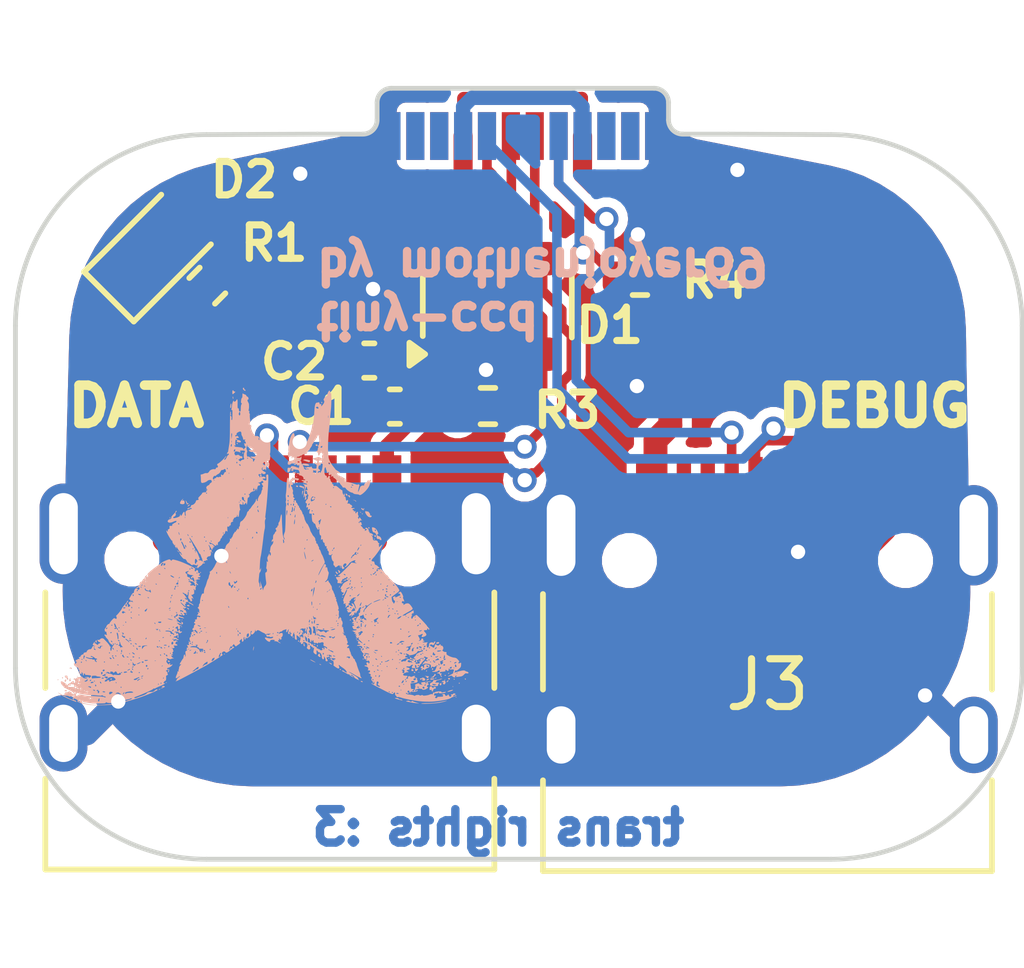
<source format=kicad_pcb>
(kicad_pcb (version 20240108) (generator "pcbnew") (generator_version "8.0")
  (layers (0 "F.Cu" signal) (31 "B.Cu" signal) (34 "B.Paste" user) (35 "F.Paste" user) (36 "B.SilkS" user "B.Silkscreen") (37 "F.SilkS" user "F.Silkscreen") (38 "B.Mask" user) (39 "F.Mask" user) (44 "Edge.Cuts" user))
  (net 0 "")
  (net 1 "VBUS")
  (net 2 "GND")
  (net 11 "DBG_N")
  (net 12 "DBG_P")
  (net 13 "USB_N")
  (net 14 "USB_P")
  (net 15 "CC1")
  (net 16 "CC2")
  (net 17 "Net-(D2-A)")
  (footprint "Connector_USB:USB_C_Plug_Molex_105444" (layer "F.Cu") (at 155.23742 99.833775)
    (property "Reference" "J1" (hide yes))
    (property "Value" "USB-C_PLUG")
    (fp_line (start -3.35 0) (end -4.3 0) (stroke (width 0.1)) (layer "Edge.Cuts"))
    (fp_line (start -3.05 -0.66) (end -3.05 -0.3) (stroke (width 0.1)) (layer "Edge.Cuts"))
    (fp_line (start -2.75 -0.96) (end 2.75 -0.96) (stroke (width 0.1)) (layer "Edge.Cuts"))
    (fp_line (start 3.05 -0.66) (end 3.05 -0.3) (stroke (width 0.1)) (layer "Edge.Cuts"))
    (fp_line (start 3.35 0) (end 4.3 0) (stroke (width 0.1)) (layer "Edge.Cuts"))
    (fp_arc (start -3.05 -0.66) (mid -2.962132 -0.872132) (end -2.75 -0.96) (stroke (width 0.1)) (layer "Edge.Cuts"))
    (fp_arc (start -3.05 -0.3) (mid -3.137868 -0.087868) (end -3.35 0) (stroke (width 0.1)) (layer "Edge.Cuts"))
    (fp_arc (start 2.75 -0.96) (mid 2.962132 -0.872132) (end 3.05 -0.66) (stroke (width 0.1)) (layer "Edge.Cuts"))
    (fp_arc (start 3.35 0) (mid 3.137868 -0.087868) (end 3.05 -0.3) (stroke (width 0.1)) (layer "Edge.Cuts"))
  )
  (footprint "Resistor_SMD:R_0402_1005Metric" (layer "F.Cu") (at 148.633012 103.005742 -135)
    (property "Reference" "R1")
    (property "Value" "1.5k")
  )
  (footprint "Capacitor_SMD:C_0402_1005Metric" (layer "F.Cu") (at 152.55773 105.537894 180)
    (property "Reference" "C1")
    (property "Value" "10u")
  )
  (footprint "Connector_USB:USB_C_Receptacle_HRO_TYPE-C-31-M-12" (layer "F.Cu") (at 160.35942 111.361774)
    (property "Reference" "J3")
    (property "Value" "USB-C_DATA")
  )
  (footprint "Resistor_SMD:R_0402_1005Metric" (layer "F.Cu") (at 157.69042 102.821774)
    (property "Reference" "R4")
    (property "Value" "56k")
  )
  (footprint "Resistor_SMD:R_0402_1005Metric" (layer "F.Cu") (at 154.507419 105.526284 180)
    (property "Reference" "R3")
    (property "Value" "22k")
  )
  (footprint "Package_TO_SOT_SMD:SOT-143" (layer "F.Cu") (at 154.70342 103.440775 90)
    (property "Reference" "D1")
    (property "Value" "PRTR5V0U2X")
  )
  (footprint "LED_SMD:LED_0603_1608Metric" (layer "F.Cu") (at 147.622847 102.186153 45)
    (property "Reference" "D2")
    (property "Value" "PINK_ACTIVITY")
  )
  (footprint "Connector_USB:USB_C_Receptacle_HRO_TYPE-C-31-M-12" (layer "F.Cu") (at 149.94142 111.328774)
    (property "Reference" "J2" (hide yes))
    (property "Value" "USB-C_DEBUG")
  )
  (footprint "Capacitor_SMD:C_0402_1005Metric" (layer "F.Cu") (at 152.023652 104.574231)
    (property "Reference" "C2")
    (property "Value" "10u")
  )
  (gr_poly (pts (xy 152.93103 111.074458) (xy 152.934256 111.074295) (xy 152.93713 111.074008) (xy 152.938439 111.073814) (xy 152.939665 111.073584) (xy 152.940809 111.073317) (xy 152.94187 111.073011) (xy 152.942854 111.072665) (xy 152.94376 111.072278) (xy 152.944588 111.071846) (xy 152.945342 111.07137) (xy 152.94602 111.070849) (xy 152.946626 111.070277) (xy 152.947161 111.069655) (xy 152.947627 111.068985) (xy 152.948023 111.068261) (xy 152.948352 111.067481) (xy 152.948615 111.066648) (xy 152.948814 111.065756) (xy 152.94895 111.064806) (xy 152.949024 111.063795) (xy 152.949037 111.062723) (xy 152.948991 111.061584) (xy 152.948888 111.060383) (xy 152.948729 111.059116) (xy 152.948245 111.056372) (xy 152.947553 111.053343) (xy 152.947245 111.052268) (xy 152.946921 111.051224) (xy 152.946578 111.050211) (xy 152.946221 111.049234) (xy 152.945847 111.048289) (xy 152.945459 111.04738) (xy 152.945058 111.046509) (xy 152.944642 111.045671) (xy 152.944215 111.044871) (xy 152.943774 111.044109) (xy 152.943324 111.043386) (xy 152.942864 111.042702) (xy 152.942394 111.042059) (xy 152.941917 111.041457) (xy 152.94143 111.040896) (xy 152.940937 111.040378) (xy 152.940438 111.039904) (xy 152.939935 111.039475) (xy 152.939426 111.039089) (xy 152.938912 111.03875) (xy 152.938396 111.038457) (xy 152.937877 111.038211) (xy 152.937358 111.038013) (xy 152.936837 111.037865) (xy 152.936316 111.037765) (xy 152.935797 111.037719) (xy 152.935278 111.03772) (xy 152.934763 111.037774) (xy 152.934249 111.037882) (xy 152.933739 111.038042) (xy 152.933236 111.038257) (xy 152.932737 111.038527) (xy 152.932243 111.038806) (xy 152.931758 111.039048) (xy 152.931278 111.039254) (xy 152.930807 111.039423) (xy 152.930345 111.039557) (xy 152.929893 111.039657) (xy 152.929448 111.03972) (xy 152.929015 111.03975) (xy 152.928593 111.039745) (xy 152.928183 111.039708) (xy 152.927784 111.039636) (xy 152.927397 111.039532) (xy 152.927024 111.039395) (xy 152.926665 111.039225) (xy 152.92632 111.039025) (xy 152.925989 111.038791) (xy 152.925676 111.038528) (xy 152.925376 111.038233) (xy 152.925096 111.037909) (xy 152.92483 111.037556) (xy 152.924583 111.037172) (xy 152.924355 111.036759) (xy 152.924144 111.036319) (xy 152.923956 111.035848) (xy 152.923786 111.035351) (xy 152.923636 111.034825) (xy 152.923509 111.034274) (xy 152.923403 111.033694) (xy 152.92332 111.033089) (xy 152.923259 111.032457) (xy 152.923223 111.0318) (xy 152.923211 111.031118) (xy 152.923172 111.02944) (xy 152.923056 111.027973) (xy 152.922867 111.02671) (xy 152.922611 111.025648) (xy 152.922293 111.024781) (xy 152.921913 111.024099) (xy 152.921479 111.023601) (xy 152.920996 111.023281) (xy 152.920464 111.023128) (xy 152.919891 111.023142) (xy 152.91928 111.023315) (xy 152.918634 111.02364) (xy 152.91796 111.024112) (xy 152.917261 111.024728) (xy 152.915802 111.026356) (xy 152.914296 111.028482) (xy 152.912773 111.031057) (xy 152.911268 111.034034) (xy 152.909816 111.037369) (xy 152.908452 111.041014) (xy 152.907208 111.044922) (xy 152.906119 111.049049) (xy 152.905219 111.053343) (xy 152.90491 111.056197) (xy 152.904785 111.058812) (xy 152.904794 111.06003) (xy 152.904852 111.061192) (xy 152.904959 111.062297) (xy 152.90512 111.063348) (xy 152.905332 111.064344) (xy 152.905598 111.065287) (xy 152.905921 111.066179) (xy 152.906299 111.067018) (xy 152.906733 111.067805) (xy 152.907226 111.068545) (xy 152.907779 111.069235) (xy 152.908394 111.069879) (xy 152.909071 111.070477) (xy 152.90981 111.071028) (xy 152.910614 111.071535) (xy 152.911481 111.071999) (xy 152.912418 111.072418) (xy 152.913421 111.072797) (xy 152.914495 111.073138) (xy 152.915638 111.073435) (xy 152.916851 111.073695) (xy 152.918137 111.073916) (xy 152.920933 111.074251) (xy 152.924032 111.074447) (xy 152.927444 111.07451)) (fill solid) (layer "B.SilkS"))
  (gr_poly (pts (xy 153.287922 111.714718) (xy 153.313486 111.714387) (xy 153.335962 111.713744) (xy 153.365648 111.71182) (xy 153.396154 111.709259) (xy 153.427155 111.70612) (xy 153.458331 111.702465) (xy 153.519914 111.693839) (xy 153.578319 111.683845) (xy 153.605525 111.678485) (xy 153.630971 111.67296) (xy 153.654335 111.667331) (xy 153.675289 111.661654) (xy 153.693515 111.655988) (xy 153.708693 111.650397) (xy 153.720495 111.644932) (xy 153.72503 111.642268) (xy 153.728603 111.639661) (xy 153.730506 111.638) (xy 153.733011 111.636206) (xy 153.736078 111.63429) (xy 153.739665 111.632267) (xy 153.74823 111.627958) (xy 153.758368 111.623389) (xy 153.769747 111.618668) (xy 153.782031 111.613913) (xy 153.794887 111.60923) (xy 153.807977 111.604734) (xy 153.81609 111.602068) (xy 153.823367 111.599615) (xy 153.829816 111.597371) (xy 153.835444 111.595325) (xy 153.840262 111.593473) (xy 153.844272 111.591806) (xy 153.845979 111.591038) (xy 153.847487 111.590315) (xy 153.848801 111.589632) (xy 153.849913 111.588992) (xy 153.850834 111.588392) (xy 153.851558 111.587831) (xy 153.852091 111.58731) (xy 153.852429 111.586824) (xy 153.852528 111.586595) (xy 153.852578 111.586377) (xy 153.85258 111.586165) (xy 153.852536 111.585963) (xy 153.852443 111.585769) (xy 153.852304 111.585583) (xy 153.85188 111.585239) (xy 153.851274 111.584926) (xy 153.850478 111.584644) (xy 153.849498 111.584396) (xy 153.848333 111.584174) (xy 153.846984 111.583982) (xy 153.845452 111.583819) (xy 153.841843 111.583569) (xy 153.83887 111.583442) (xy 153.835916 111.583456) (xy 153.832996 111.5836) (xy 153.830136 111.583867) (xy 153.827349 111.584244) (xy 153.824653 111.584722) (xy 153.822072 111.585295) (xy 153.819619 111.58595) (xy 153.817315 111.58668) (xy 153.815178 111.587475) (xy 153.813229 111.588326) (xy 153.811483 111.589224) (xy 153.80996 111.590158) (xy 153.809289 111.590638) (xy 153.808681 111.591122) (xy 153.808138 111.591609) (xy 153.807661 111.592103) (xy 153.807254 111.592597) (xy 153.80692 111.593093) (xy 153.806098 111.59425) (xy 153.805226 111.595337) (xy 153.804309 111.596356) (xy 153.803351 111.597308) (xy 153.802358 111.59819) (xy 153.801334 111.599003) (xy 153.800284 111.599745) (xy 153.799214 111.60042) (xy 153.798128 111.601024) (xy 153.79703 111.601556) (xy 153.795929 111.602019) (xy 153.794827 111.602414) (xy 153.79373 111.602736) (xy 153.792641 111.602989) (xy 153.791568 111.60317) (xy 153.790514 111.60328) (xy 153.789487 111.603319) (xy 153.788488 111.603286) (xy 153.787523 111.603181) (xy 153.7866 111.603006) (xy 153.785721 111.602756) (xy 153.784891 111.602435) (xy 153.784117 111.602041) (xy 153.783404 111.601578) (xy 153.782755 111.601037) (xy 153.782177 111.600426) (xy 153.781673 111.59974) (xy 153.78125 111.598982) (xy 153.780912 111.598149) (xy 153.780663 111.597243) (xy 153.780513 111.596264) (xy 153.78046 111.59521) (xy 153.780497 111.594698) (xy 153.780608 111.594159) (xy 153.78104 111.592994) (xy 153.781744 111.591731) (xy 153.78271 111.590382) (xy 153.783924 111.588956) (xy 153.785372 111.587471) (xy 153.787045 111.585936) (xy 153.788927 111.584363) (xy 153.791009 111.582764) (xy 153.793277 111.581154) (xy 153.795717 111.579543) (xy 153.798319 111.577945) (xy 153.801071 111.576373) (xy 153.803958 111.574836) (xy 153.806971 111.573352) (xy 153.810094 111.571926) (xy 153.838667 111.559226) (xy 153.813271 111.546526) (xy 153.809658 111.545039) (xy 153.806352 111.543752) (xy 153.804806 111.543185) (xy 153.803333 111.542671) (xy 153.801927 111.542209) (xy 153.800586 111.541797) (xy 153.799308 111.541438) (xy 153.798093 111.541134) (xy 153.796937 111.540883) (xy 153.795838 111.540685) (xy 153.794794 111.540543) (xy 153.793803 111.540453) (xy 153.792862 111.54042) (xy 153.791969 111.54044) (xy 153.791125 111.54052) (xy 153.790323 111.540653) (xy 153.789566 111.540843) (xy 153.788847 111.54109) (xy 153.788166 111.541395) (xy 153.787521 111.541757) (xy 153.78691 111.542176) (xy 153.786331 111.542656) (xy 153.785782 111.543195) (xy 153.785258 111.543791) (xy 153.78476 111.544449) (xy 153.784287 111.545167) (xy 153.783833 111.545943) (xy 153.783399 111.546782) (xy 153.782981 111.547682) (xy 153.782578 111.548644) (xy 153.782345 111.549238) (xy 153.782048 111.549831) (xy 153.781258 111.551012) (xy 153.780229 111.552173) (xy 153.778973 111.553308) (xy 153.777506 111.554403) (xy 153.775842 111.555453) (xy 153.774 111.556445) (xy 153.771994 111.557375) (xy 153.769838 111.558228) (xy 153.767549 111.558998) (xy 153.765142 111.559677) (xy 153.762634 111.560252) (xy 153.760039 111.560716) (xy 153.757371 111.561057) (xy 153.754648 111.56127) (xy 153.751886 111.561344) (xy 153.748125 111.561381) (xy 153.744781 111.561504) (xy 153.743261 111.561596) (xy 153.741843 111.561714) (xy 153.740522 111.561855) (xy 153.739301 111.562021) (xy 153.738178 111.562215) (xy 153.737152 111.562435) (xy 153.736221 111.562685) (xy 153.735384 111.562961) (xy 153.734641 111.56327) (xy 153.733992 111.563609) (xy 153.733435 111.563981) (xy 153.732967 111.564384) (xy 153.732591 111.564825) (xy 153.732303 111.565298) (xy 153.732104 111.56581) (xy 153.73199 111.566355) (xy 153.731964 111.566941) (xy 153.732022 111.567565) (xy 153.732164 111.568229) (xy 153.732389 111.568933) (xy 153.732697 111.56968) (xy 153.733085 111.57047) (xy 153.733555 111.571303) (xy 153.734103 111.572182) (xy 153.73473 111.573106) (xy 153.735434 111.574075) (xy 153.73707 111.57616) (xy 153.737928 111.577143) (xy 153.738719 111.578109) (xy 153.739442 111.579058) (xy 153.740097 111.579993) (xy 153.740686 111.580913) (xy 153.741207 111.581819) (xy 153.74166 111.582715) (xy 153.742047 111.583601) (xy 153.742367 111.584478) (xy 153.742621 111.585347) (xy 153.742808 111.586207) (xy 153.742929 111.587062) (xy 153.742984 111.587912) (xy 153.742974 111.588759) (xy 153.742898 111.589603) (xy 153.742758 111.590448) (xy 153.742552 111.591291) (xy 153.74228 111.592136) (xy 153.741945 111.592983) (xy 153.741546 111.593835) (xy 153.74108 111.59469) (xy 153.740551 111.595551) (xy 153.739958 111.596418) (xy 153.739301 111.597293) (xy 153.738581 111.598178) (xy 153.737797 111.599074) (xy 153.736953 111.599982) (xy 153.736042 111.600903) (xy 153.734033 111.602787) (xy 153.731778 111.604735) (xy 153.729119 111.60678) (xy 153.72668 111.608545) (xy 153.725534 111.609319) (xy 153.724433 111.610021) (xy 153.723374 111.610649) (xy 153.722353 111.611201) (xy 153.721363 111.611677) (xy 153.720405 111.612077) (xy 153.719475 111.612398) (xy 153.718568 111.612642) (xy 153.717682 111.612804) (xy 153.716812 111.612886) (xy 153.715955 111.612886) (xy 153.715108 111.612804) (xy 153.714267 111.612638) (xy 153.713429 111.612387) (xy 153.71259 111.612051) (xy 153.711747 111.611628) (xy 153.710896 111.611116) (xy 153.710035 111.610519) (xy 153.709157 111.609829) (xy 153.708263 111.609051) (xy 153.707346 111.608181) (xy 153.706406 111.607217) (xy 153.705434 111.606161) (xy 153.70443 111.605011) (xy 153.702316 111.60242) (xy 153.700028 111.599444) (xy 153.697213 111.595301) (xy 153.694372 111.59091) (xy 153.691582 111.586421) (xy 153.688915 111.58198) (xy 153.686447 111.57774) (xy 153.684251 111.573844) (xy 153.682404 111.570447) (xy 153.680978 111.567694) (xy 153.680669 111.567029) (xy 153.680345 111.566428) (xy 153.680002 111.565887) (xy 153.679643 111.565408) (xy 153.679265 111.564988) (xy 153.67887 111.564629) (xy 153.678461 111.564329) (xy 153.678033 111.56409) (xy 153.677592 111.563906) (xy 153.677135 111.563783) (xy 153.676664 111.56372) (xy 153.676178 111.563712) (xy 153.675677 111.563762) (xy 153.675165 111.56387) (xy 153.674638 111.564034) (xy 153.674098 111.564254) (xy 153.673547 111.56453) (xy 153.672982 111.56486) (xy 153.672407 111.565247) (xy 153.671822 111.565688) (xy 153.671222 111.566183) (xy 153.670614 111.566733) (xy 153.669996 111.567334) (xy 153.669369 111.567991) (xy 153.668085 111.56946) (xy 153.666769 111.571137) (xy 153.665421 111.57302) (xy 153.664044 111.575102) (xy 153.662508 111.577402) (xy 153.66088 111.579542) (xy 153.659168 111.581523) (xy 153.65738 111.583341) (xy 153.655523 111.585002) (xy 153.653608 111.586501) (xy 153.651638 111.587842) (xy 153.649623 111.589024) (xy 153.647573 111.59005) (xy 153.645492 111.590916) (xy 153.643389 111.591626) (xy 153.641274 111.59218) (xy 153.639151 111.592576) (xy 153.637031 111.592816) (xy 153.634918 111.592901) (xy 153.632822 111.592829) (xy 153.630753 111.592602) (xy 153.628716 111.592222) (xy 153.626719 111.591687) (xy 153.624769 111.590996) (xy 153.622876 111.590155) (xy 153.621046 111.589159) (xy 153.619288 111.58801) (xy 153.61761 111.58671) (xy 153.616018 111.585258) (xy 153.614519 111.583653) (xy 153.613123 111.581898) (xy 153.611839 111.579993) (xy 153.61067 111.577935) (xy 153.609629 111.575731) (xy 153.60872 111.573374) (xy 153.607953 111.57087) (xy 153.607131 111.567853) (xy 153.606242 111.565152) (xy 153.605272 111.56276) (xy 153.604749 111.561677) (xy 153.604199 111.560666) (xy 153.603619 111.559728) (xy 153.603007 111.558863) (xy 153.602364 111.558069) (xy 153.601682 111.557343) (xy 153.600964 111.556688) (xy 153.600206 111.5561) (xy 153.599404 111.555581) (xy 153.59856 111.555126) (xy 153.597668 111.554736) (xy 153.596727 111.554411) (xy 153.595736 111.554149) (xy 153.594692 111.553949) (xy 153.593592 111.553811) (xy 153.592437 111.553733) (xy 153.591221 111.553713) (xy 153.589943 111.553752) (xy 153.587197 111.554003) (xy 153.584178 111.554474) (xy 153.580874 111.55516) (xy 153.577261 111.556053) (xy 153.574671 111.556893) (xy 153.57207 111.557824) (xy 153.569473 111.558832) (xy 153.566893 111.559906) (xy 153.564343 111.561036) (xy 153.561839 111.56221) (xy 153.559393 111.56342) (xy 153.557019 111.564651) (xy 153.554734 111.565894) (xy 153.552549 111.567143) (xy 153.550479 111.568377) (xy 153.548538 111.569594) (xy 153.546738 111.570782) (xy 153.545095 111.571924) (xy 153.543621 111.573016) (xy 153.542336 111.574043) (xy 153.541243 111.575172) (xy 153.540355 111.576176) (xy 153.53967 111.577056) (xy 153.539193 111.577813) (xy 153.539035 111.578145) (xy 153.538928 111.578446) (xy 153.538874 111.578716) (xy 153.538875 111.578954) (xy 153.538931 111.579162) (xy 153.53904 111.579338) (xy 153.539206 111.579485) (xy 153.539426 111.5796) (xy 153.539701 111.579683) (xy 153.540034 111.579736) (xy 153.540423 111.579758) (xy 153.540868 111.579747) (xy 153.541932 111.579637) (xy 153.543228 111.579401) (xy 153.544761 111.579041) (xy 153.546531 111.578558) (xy 153.548545 111.57795) (xy 153.550802 111.577218) (xy 153.552356 111.576574) (xy 153.55384 111.576027) (xy 153.555258 111.575578) (xy 153.556606 111.575224) (xy 153.557888 111.574971) (xy 153.559099 111.574809) (xy 153.560243 111.574742) (xy 153.561321 111.57477) (xy 153.562327 111.574891) (xy 153.563267 111.575106) (xy 153.564138 111.575408) (xy 153.564942 111.575803) (xy 153.565675 111.576289) (xy 153.566343 111.576863) (xy 153.566941 111.577525) (xy 153.567473 111.578276) (xy 153.567934 111.579113) (xy 153.568328 111.580037) (xy 153.568653 111.581045) (xy 153.568909 111.582136) (xy 153.569099 111.583314) (xy 153.56922 111.584574) (xy 153.569274 111.585916) (xy 153.569258 111.587339) (xy 153.569022 111.590426) (xy 153.568514 111.593829) (xy 153.567731 111.597542) (xy 153.566677 111.601559) (xy 153.566019 111.602877) (xy 153.565164 111.604057) (xy 153.564026 111.605112) (xy 153.56251 111.606057) (xy 153.560522 111.606901) (xy 153.557971 111.607663) (xy 153.554763 111.608347) (xy 153.550803 111.608969) (xy 153.540261 111.610077) (xy 153.525601 111.611085) (xy 153.50608 111.612094) (xy 153.480953 111.613202) (xy 153.476861 111.613261) (xy 153.472941 111.613439) (xy 153.469204 111.613725) (xy 153.465673 111.614111) (xy 153.462364 111.61459) (xy 153.459298 111.615155) (xy 153.457862 111.615467) (xy 153.456491 111.615795) (xy 153.455193 111.616145) (xy 153.453965 111.616508) (xy 153.452811 111.616889) (xy 153.451736 111.617283) (xy 153.450738 111.61769) (xy 153.449823 111.61811) (xy 153.448991 111.618543) (xy 153.448244 111.618986) (xy 153.447586 111.619439) (xy 153.44702 111.619899) (xy 153.446546 111.620369) (xy 153.446168 111.620843) (xy 153.445885 111.621324) (xy 153.445703 111.62181) (xy 153.445626 111.6223) (xy 153.445653 111.622794) (xy 153.445786 111.623289) (xy 153.446027 111.623784) (xy 153.446786 111.625063) (xy 153.447286 111.626323) (xy 153.447536 111.627553) (xy 153.447555 111.628756) (xy 153.447351 111.629924) (xy 153.446942 111.631058) (xy 153.446336 111.632149) (xy 153.445546 111.633193) (xy 153.444591 111.634194) (xy 153.443477 111.635139) (xy 153.442223 111.636031) (xy 153.440836 111.636862) (xy 153.439334 111.637633) (xy 153.437728 111.638336) (xy 153.434254 111.639529) (xy 153.430518 111.64041) (xy 153.426627 111.640951) (xy 153.422685 111.641125) (xy 153.420725 111.641063) (xy 153.418792 111.6409) (xy 153.416897 111.64063) (xy 153.415054 111.640247) (xy 153.413277 111.639751) (xy 153.411576 111.639138) (xy 153.409966 111.6384) (xy 153.408461 111.63754) (xy 153.407071 111.63655) (xy 153.405811 111.635427) (xy 153.405142 111.634732) (xy 153.404521 111.634037) (xy 153.40395 111.633341) (xy 153.403428 111.632646) (xy 153.402955 111.631951) (xy 153.40253 111.631253) (xy 153.402153 111.630553) (xy 153.401825 111.629853) (xy 153.401546 111.629153) (xy 153.401313 111.628449) (xy 153.40113 111.627744) (xy 153.400993 111.627035) (xy 153.400903 111.626326) (xy 153.40086 111.625614) (xy 153.400864 111.6249) (xy 153.400917 111.624182) (xy 153.401013 111.623461) (xy 153.401157 111.622736) (xy 153.401348 111.622009) (xy 153.401584 111.621278) (xy 153.401867 111.620541) (xy 153.402193 111.619802) (xy 153.402566 111.61906) (xy 153.402983 111.618312) (xy 153.403445 111.61756) (xy 153.403953 111.616799) (xy 153.404505 111.616039) (xy 153.405102 111.615271) (xy 153.406427 111.613719) (xy 153.407927 111.612142) (xy 153.409646 111.610375) (xy 153.411227 111.608649) (xy 153.412676 111.606963) (xy 153.413989 111.605322) (xy 153.415171 111.603731) (xy 153.416222 111.602188) (xy 153.417141 111.600696) (xy 153.417931 111.59926) (xy 153.418592 111.597882) (xy 153.419127 111.596565) (xy 153.419534 111.595308) (xy 153.419815 111.594116) (xy 153.419972 111.592993) (xy 153.420004 111.591939) (xy 153.419912 111.590956) (xy 153.419701 111.590051) (xy 153.419367 111.589222) (xy 153.418914 111.588472) (xy 153.418343 111.587806) (xy 153.417653 111.587225) (xy 153.416845 111.58673) (xy 153.415923 111.586328) (xy 153.414886 111.586018) (xy 153.413732 111.585801) (xy 153.412468 111.585682) (xy 153.411089 111.585665) (xy 153.409599 111.585748) (xy 153.408 111.58594) (xy 153.406291 111.586236) (xy 153.404475 111.586645) (xy 153.402551 111.587166) (xy 153.400519 111.587802) (xy 153.39769 111.588495) (xy 153.395143 111.588975) (xy 153.392866 111.589234) (xy 153.391824 111.589276) (xy 153.390846 111.589258) (xy 153.389927 111.589176) (xy 153.389067 111.589032) (xy 153.388263 111.588821) (xy 153.387516 111.588547) (xy 153.386821 111.588203) (xy 153.386178 111.587786) (xy 153.385585 111.587302) (xy 153.385041 111.586744) (xy 153.384544 111.586111) (xy 153.38409 111.585402) (xy 153.383681 111.584615) (xy 153.38331 111.58375) (xy 153.382982 111.582804) (xy 153.38269 111.581776) (xy 153.382434 111.580663) (xy 153.382213 111.579467) (xy 153.381868 111.57681) (xy 153.381637 111.573795) (xy 153.381509 111.570408) (xy 153.38147 111.566635) (xy 153.381514 111.562501) (xy 153.381678 111.558813) (xy 153.382007 111.555547) (xy 153.382543 111.552678) (xy 153.382905 111.551386) (xy 153.383336 111.550181) (xy 153.383842 111.549064) (xy 153.384428 111.548032) (xy 153.385099 111.547079) (xy 153.385862 111.546203) (xy 153.386724 111.545405) (xy 153.387686 111.544672) (xy 153.388759 111.544013) (xy 153.389945 111.543417) (xy 153.391251 111.542883) (xy 153.392684 111.542409) (xy 153.394244 111.541989) (xy 153.395945 111.541623) (xy 153.399776 111.541036) (xy 153.404219 111.540622) (xy 153.409324 111.540358) (xy 153.41513 111.540218) (xy 153.421687 111.540177) (xy 153.425988 111.540126) (xy 153.430145 111.539981) (xy 153.434142 111.539745) (xy 153.437957 111.539414) (xy 153.441577 111.539001) (xy 153.444978 111.538501) (xy 153.448142 111.537922) (xy 153.451055 111.537266) (xy 153.452409 111.53691) (xy 153.453692 111.536534) (xy 153.454904 111.536144) (xy 153.45604 111.535732) (xy 153.457098 111.535306) (xy 153.458076 111.534861) (xy 153.458972 111.534402) (xy 153.459787 111.533926) (xy 153.46051 111.533434) (xy 153.461146 111.532928) (xy 153.461691 111.532408) (xy 153.462141 111.531871) (xy 153.462497 111.531322) (xy 153.462753 111.530759) (xy 153.462908 111.530182) (xy 153.462961 111.529593) (xy 153.462976 111.529098) (xy 153.463021 111.528603) (xy 153.463096 111.52811) (xy 153.463199 111.527618) (xy 153.463332 111.527133) (xy 153.46349 111.52665) (xy 153.463675 111.526175) (xy 153.463887 111.525707) (xy 153.464121 111.525245) (xy 153.464382 111.524795) (xy 153.464665 111.524351) (xy 153.464969 111.523918) (xy 153.465297 111.5235) (xy 153.465644 111.52309) (xy 153.466013 111.522698) (xy 153.4664 111.522317) (xy 153.466805 111.521953) (xy 153.467229 111.521604) (xy 153.46767 111.521275) (xy 153.46813 111.520962) (xy 153.4686 111.52067) (xy 153.469089 111.520399) (xy 153.46959 111.520149) (xy 153.470105 111.519919) (xy 153.470632 111.519714) (xy 153.471171 111.519533) (xy 153.47172 111.519376) (xy 153.47228 111.519248) (xy 153.47285 111.519144) (xy 153.473425 111.519071) (xy 153.474011 111.519026) (xy 153.474603 111.51901) (xy 153.47509 111.519026) (xy 153.475558 111.519071) (xy 153.476006 111.519146) (xy 153.476434 111.519248) (xy 153.476842 111.519376) (xy 153.477231 111.519533) (xy 153.477598 111.519714) (xy 153.477944 111.519919) (xy 153.478266 111.520147) (xy 153.478568 111.520398) (xy 153.478849 111.52067) (xy 153.479104 111.520962) (xy 153.479338 111.521276) (xy 153.479548 111.521606) (xy 153.479734 111.521953) (xy 153.479893 111.522317) (xy 153.480031 111.522697) (xy 153.480141 111.52309) (xy 153.480228 111.523499) (xy 153.480286 111.523918) (xy 153.48032 111.524351) (xy 153.480326 111.524794) (xy 153.480306 111.525246) (xy 153.480258 111.525707) (xy 153.480182 111.526177) (xy 153.480077 111.526652) (xy 153.479945 111.527133) (xy 153.479782 111.527618) (xy 153.47959 111.52811) (xy 153.47937 111.528603) (xy 153.479118 111.529098) (xy 153.478837 111.529593) (xy 153.478143 111.531212) (xy 153.478218 111.532695) (xy 153.479017 111.534047) (xy 153.480496 111.535269) (xy 153.482609 111.536358) (xy 153.485313 111.537321) (xy 153.492313 111.53887) (xy 153.501144 111.539931) (xy 153.511448 111.540515) (xy 153.522871 111.540634) (xy 153.53506 111.540309) (xy 153.547658 111.539549) (xy 153.56031 111.538368) (xy 153.572659 111.536781) (xy 153.584355 111.534802) (xy 153.595039 111.532445) (xy 153.604358 111.529725) (xy 153.611957 111.526652) (xy 153.614999 111.524989) (xy 153.617478 111.523244) (xy 153.623652 111.518012) (xy 153.625982 111.515912) (xy 153.627779 111.514132) (xy 153.629025 111.512655) (xy 153.629436 111.512027) (xy 153.6297 111.511468) (xy 153.629816 111.510976) (xy 153.629782 111.510549) (xy 153.629595 111.510185) (xy 153.629251 111.509882) (xy 153.628749 111.509637) (xy 153.628089 111.509451) (xy 153.626273 111.509239) (xy 153.623784 111.509229) (xy 153.620602 111.509402) (xy 153.616707 111.509743) (xy 153.61208 111.510236) (xy 153.600544 111.511602) (xy 153.584984 111.514132) (xy 153.56972 111.516759) (xy 153.556639 111.519191) (xy 153.551507 111.52024) (xy 153.547627 111.521126) (xy 153.54684 111.521304) (xy 153.546067 111.521439) (xy 153.545308 111.52153) (xy 153.544564 111.52158) (xy 153.543836 111.521591) (xy 153.543129 111.521563) (xy 153.542441 111.521498) (xy 153.541773 111.521391) (xy 153.541128 111.521249) (xy 153.540503 111.52107) (xy 153.539906 111.520856) (xy 153.539331 111.520606) (xy 153.538782 111.520322) (xy 153.538262 111.520006) (xy 153.537769 111.519655) (xy 153.537308 111.519276) (xy 153.536878 111.518863) (xy 153.536479 111.51842) (xy 153.536113 111.517948) (xy 153.535784 111.517448) (xy 153.535488 111.516918) (xy 153.53523 111.516363) (xy 153.53501 111.515781) (xy 153.534829 111.515175) (xy 153.534686 111.514541) (xy 153.534588 111.513886) (xy 153.534531 111.513205) (xy 153.534517 111.512504) (xy 153.534549 111.511778) (xy 153.534628 111.511035) (xy 153.534754 111.51027) (xy 153.534925 111.509484) (xy 153.534872 111.507874) (xy 153.534138 111.506406) (xy 153.532764 111.505083) (xy 153.530791 111.503902) (xy 153.528259 111.502859) (xy 153.525209 111.501953) (xy 153.517712 111.500538) (xy 153.508623 111.49964) (xy 153.49826 111.499235) (xy 153.486945 111.499303) (xy 153.475 111.499828) (xy 153.462743 111.500787) (xy 153.450499 111.502158) (xy 153.438586 111.503923) (xy 153.427324 111.506062) (xy 153.417037 111.508554) (xy 153.408045 111.51138) (xy 153.400668 111.51452) (xy 153.397685 111.516201) (xy 153.395228 111.517952) (xy 153.393594 111.519291) (xy 153.391874 111.520525) (xy 153.390089 111.521653) (xy 153.388249 111.522665) (xy 153.386372 111.52356) (xy 153.384475 111.524332) (xy 153.382569 111.524978) (xy 153.380676 111.525494) (xy 153.378807 111.52587) (xy 153.376976 111.526107) (xy 153.375202 111.526196) (xy 153.374339 111.526185) (xy 153.373499 111.526137) (xy 153.372678 111.52605) (xy 153.371882 111.525923) (xy 153.371112 111.525757) (xy 153.370368 111.525547) (xy 153.369657 111.5253) (xy 153.368972 111.525008) (xy 153.368324 111.524675) (xy 153.367711 111.524302) (xy 153.366828 111.523768) (xy 153.365963 111.523356) (xy 153.365122 111.523063) (xy 153.364303 111.522886) (xy 153.363506 111.522822) (xy 153.362737 111.522872) (xy 153.361993 111.523029) (xy 153.361278 111.523292) (xy 153.360593 111.523661) (xy 153.359938 111.52413) (xy 153.359315 111.524698) (xy 153.358726 111.525362) (xy 153.35817 111.52612) (xy 153.357652 111.526969) (xy 153.35673 111.528931) (xy 153.355969 111.531229) (xy 153.35538 111.53384) (xy 153.354975 111.536749) (xy 153.354762 111.539928) (xy 153.354755 111.543365) (xy 153.354963 111.547033) (xy 153.355397 111.550915) (xy 153.356068 111.554992) (xy 153.356147 111.555477) (xy 153.356183 111.555937) (xy 153.356176 111.55637) (xy 153.356126 111.556778) (xy 153.356039 111.557165) (xy 153.355913 111.557523) (xy 153.355744 111.557857) (xy 153.35554 111.558168) (xy 153.355298 111.558453) (xy 153.35502 111.558714) (xy 153.354707 111.55895) (xy 153.354358 111.559161) (xy 153.353974 111.559347) (xy 153.353558 111.559508) (xy 153.353111 111.559645) (xy 153.352629 111.559756) (xy 153.351576 111.559904) (xy 153.350405 111.559954) (xy 153.349123 111.559905) (xy 153.347735 111.559756) (xy 153.346248 111.559507) (xy 153.344666 111.55916) (xy 153.342999 111.558713) (xy 153.341252 111.558169) (xy 153.33952 111.55746) (xy 153.337517 111.55692) (xy 153.335268 111.556541) (xy 153.332803 111.556316) (xy 153.330142 111.55624) (xy 153.327319 111.556308) (xy 153.324353 111.556511) (xy 153.321277 111.556846) (xy 153.318111 111.557302) (xy 153.314888 111.557878) (xy 153.311629 111.558566) (xy 153.308361 111.559359) (xy 153.305112 111.560251) (xy 153.30191 111.561236) (xy 153.298777 111.562308) (xy 153.295744 111.563461) (xy 153.289624 111.565833) (xy 153.283292 111.568155) (xy 153.276936 111.570381) (xy 153.27074 111.572456) (xy 153.264893 111.574332) (xy 153.259579 111.575962) (xy 153.254983 111.577293) (xy 153.251294 111.578278) (xy 153.238315 111.580534) (xy 153.226345 111.582539) (xy 153.215348 111.58429) (xy 153.205289 111.585784) (xy 153.196136 111.587018) (xy 153.187856 111.587988) (xy 153.180411 111.588691) (xy 153.173771 111.589123) (xy 153.167901 111.589284) (xy 153.16524 111.589262) (xy 153.162761 111.58917) (xy 153.160458 111.589008) (xy 153.158325 111.588775) (xy 153.15636 111.588473) (xy 153.154556 111.588099) (xy 153.152911 111.587655) (xy 153.151418 111.587138) (xy 153.150077 111.586549) (xy 153.14888 111.585888) (xy 153.147823 111.585152) (xy 153.146905 111.584346) (xy 153.146119 111.583465) (xy 153.145461 111.58251) (xy 153.144405 111.581195) (xy 153.143222 111.580033) (xy 153.141907 111.579026) (xy 153.14045 111.578178) (xy 153.138852 111.577489) (xy 153.137109 111.576967) (xy 153.135211 111.57661) (xy 153.133157 111.576424) (xy 153.130943 111.576414) (xy 153.128563 111.576578) (xy 153.126012 111.576921) (xy 153.123286 111.57745) (xy 153.120378 111.578162) (xy 153.117288 111.579066) (xy 153.114008 111.580161) (xy 153.110536 111.581453) (xy 153.107062 111.582754) (xy 153.103783 111.583884) (xy 153.100691 111.584838) (xy 153.097786 111.58562) (xy 153.0964 111.585946) (xy 153.09506 111.586227) (xy 153.093762 111.586465) (xy 153.09251 111.58666) (xy 153.091297 111.586812) (xy 153.090128 111.586922) (xy 153.089001 111.586986) (xy 153.087913 111.587008) (xy 153.086867 111.586986) (xy 153.085861 111.586921) (xy 153.084892 111.586812) (xy 153.083964 111.586661) (xy 153.083072 111.586465) (xy 153.082219 111.586227) (xy 153.081401 111.585946) (xy 153.080622 111.58562) (xy 153.079875 111.585249) (xy 153.079167 111.584838) (xy 153.078489 111.584382) (xy 153.07785 111.583883) (xy 153.077241 111.583339) (xy 153.076666 111.582754) (xy 153.076123 111.582125) (xy 153.075611 111.581452) (xy 153.074634 111.580217) (xy 153.073311 111.579094) (xy 153.071657 111.578076) (xy 153.069703 111.577166) (xy 153.067468 111.576362) (xy 153.064975 111.575659) (xy 153.059306 111.574557) (xy 153.052881 111.573844) (xy 153.045883 111.573508) (xy 153.038493 111.573534) (xy 153.030896 111.573911) (xy 153.023275 111.574621) (xy 153.01581 111.575654) (xy 153.008687 111.576992) (xy 153.002089 111.578623) (xy 152.996196 111.580534) (xy 152.991197 111.582711) (xy 152.989086 111.583895) (xy 152.987266 111.585139) (xy 152.985763 111.586441) (xy 152.984593 111.587801) (xy 152.984084 111.588471) (xy 152.983552 111.589092) (xy 152.982993 111.589663) (xy 152.982411 111.590185) (xy 152.981803 111.590658) (xy 152.981171 111.591083) (xy 152.980513 111.591458) (xy 152.979832 111.591787) (xy 152.979125 111.592067) (xy 152.978392 111.592299) (xy 152.977636 111.592483) (xy 152.976855 111.59262) (xy 152.976049 111.59271) (xy 152.975218 111.592752) (xy 152.973481 111.592696) (xy 152.971647 111.592454) (xy 152.969711 111.592028) (xy 152.967677 111.591419) (xy 152.965543 111.590629) (xy 152.963312 111.589659) (xy 152.96098 111.588511) (xy 152.958549 111.587184) (xy 152.956019 111.585685) (xy 152.953521 111.584285) (xy 152.950422 111.58287) (xy 152.946764 111.581448) (xy 152.942592 111.580031) (xy 152.932877 111.57724) (xy 152.921623 111.574573) (xy 152.909179 111.572104) (xy 152.895894 111.569908) (xy 152.882109 111.568061) (xy 152.868177 111.566635) (xy 152.861461 111.565979) (xy 152.854837 111.56521) (xy 152.848342 111.564334) (xy 152.842017 111.563361) (xy 152.835903 111.562303) (xy 152.83004 111.561166) (xy 152.824468 111.55996) (xy 152.81923 111.558699) (xy 152.814362 111.557383) (xy 152.809908 111.556031) (xy 152.805905 111.554647) (xy 152.802396 111.55324) (xy 152.79942 111.551822) (xy 152.797016 111.550399) (xy 152.796044 111.549691) (xy 152.795228 111.548984) (xy 152.794579 111.548281) (xy 152.794095 111.547586) (xy 152.793161 111.545936) (xy 152.792342 111.544362) (xy 152.791637 111.542865) (xy 152.791046 111.541448) (xy 152.790562 111.540109) (xy 152.790186 111.538853) (xy 152.789913 111.537679) (xy 152.789745 111.536587) (xy 152.789678 111.535583) (xy 152.789708 111.534664) (xy 152.789836 111.533835) (xy 152.790058 111.533094) (xy 152.790371 111.532442) (xy 152.790776 111.531884) (xy 152.791267 111.531419) (xy 152.791846 111.531049) (xy 152.792507 111.530774) (xy 152.79325 111.530597) (xy 152.794071 111.53052) (xy 152.794972 111.530542) (xy 152.795947 111.530665) (xy 152.796997 111.530894) (xy 152.798116 111.531225) (xy 152.799305 111.531662) (xy 152.800558 111.532205) (xy 152.801878 111.532856) (xy 152.803259 111.533619) (xy 152.8047 111.53449) (xy 152.806201 111.535474) (xy 152.807757 111.536574) (xy 152.809367 111.537788) (xy 152.811027 111.539119) (xy 152.813187 111.540805) (xy 152.815306 111.54229) (xy 152.817395 111.543576) (xy 152.819461 111.544659) (xy 152.821515 111.545535) (xy 152.822539 111.545897) (xy 152.823565 111.546206) (xy 152.824595 111.546464) (xy 152.825624 111.54667) (xy 152.826658 111.546823) (xy 152.827696 111.546925) (xy 152.828741 111.546971) (xy 152.829794 111.546968) (xy 152.830854 111.54691) (xy 152.831925 111.546798) (xy 152.833007 111.546634) (xy 152.834101 111.546414) (xy 152.835208 111.546142) (xy 152.836328 111.545816) (xy 152.838617 111.544999) (xy 152.840978 111.543966) (xy 152.843421 111.542712) (xy 152.845953 111.541234) (xy 152.84893 111.539547) (xy 152.851512 111.538044) (xy 152.853706 111.536715) (xy 152.85551 111.535547) (xy 152.85693 111.534528) (xy 152.857497 111.53407) (xy 152.85797 111.533645) (xy 152.858347 111.533251) (xy 152.85863 111.532886) (xy 152.85882 111.532549) (xy 152.858917 111.532239) (xy 152.85892 111.531954) (xy 152.858831 111.531692) (xy 152.858648 111.531451) (xy 152.858374 111.53123) (xy 152.858009 111.53103) (xy 152.857553 111.530844) (xy 152.857008 111.530675) (xy 152.85637 111.53052) (xy 152.854827 111.530246) (xy 152.852927 111.530008) (xy 152.850672 111.529793) (xy 152.84807 111.529593) (xy 152.845926 111.529513) (xy 152.843868 111.529281) (xy 152.841894 111.528903) (xy 152.840008 111.528384) (xy 152.838211 111.527736) (xy 152.836506 111.526962) (xy 152.834899 111.526075) (xy 152.833384 111.525078) (xy 152.831969 111.523981) (xy 152.830659 111.522792) (xy 152.82945 111.521516) (xy 152.828349 111.520162) (xy 152.827357 111.518736) (xy 152.826473 111.517249) (xy 152.825703 111.515706) (xy 152.825049 111.514114) (xy 152.824515 111.512484) (xy 152.824099 111.51082) (xy 152.823804 111.509131) (xy 152.823637 111.507424) (xy 152.823594 111.505708) (xy 152.823683 111.503988) (xy 152.823902 111.502274) (xy 152.824256 111.500572) (xy 152.824746 111.498891) (xy 152.825376 111.497237) (xy 152.826146 111.495618) (xy 152.82706 111.494041) (xy 152.828119 111.492517) (xy 152.829326 111.49105) (xy 152.830682 111.489648) (xy 152.832193 111.488318) (xy 152.83413 111.486842) (xy 152.835064 111.486188) (xy 152.835979 111.48559) (xy 152.836875 111.485048) (xy 152.837749 111.484561) (xy 152.83861 111.48413) (xy 152.839454 111.483754) (xy 152.840283 111.483434) (xy 152.841102 111.483173) (xy 152.841909 111.482964) (xy 152.842705 111.482813) (xy 152.843493 111.482716) (xy 152.844276 111.482675) (xy 152.845049 111.48269) (xy 152.845821 111.482762) (xy 152.846587 111.482889) (xy 152.847354 111.483072) (xy 152.848119 111.48331) (xy 152.848885 111.483606) (xy 152.849655 111.483956) (xy 152.850426 111.484363) (xy 152.851205 111.484824) (xy 152.851988 111.485341) (xy 152.852779 111.485916) (xy 152.853581 111.486545) (xy 152.854392 111.487231) (xy 152.855216 111.487971) (xy 152.856903 111.489621) (xy 152.858653 111.491493) (xy 152.860328 111.49359) (xy 152.861079 111.494578) (xy 152.861776 111.495526) (xy 152.862415 111.496436) (xy 152.862999 111.49731) (xy 152.863525 111.498147) (xy 152.863994 111.498951) (xy 152.864404 111.499723) (xy 152.864759 111.500463) (xy 152.865057 111.501173) (xy 152.865295 111.501856) (xy 152.865474 111.50251) (xy 152.865594 111.503139) (xy 152.865659 111.503744) (xy 152.865664 111.504326) (xy 152.86561 111.504886) (xy 152.865495 111.505424) (xy 152.865322 111.505946) (xy 152.865091 111.506449) (xy 152.864798 111.506936) (xy 152.864448 111.507408) (xy 152.864035 111.507865) (xy 152.863564 111.508312) (xy 152.863031 111.508746) (xy 152.862437 111.509171) (xy 152.861784 111.509589) (xy 152.861069 111.509999) (xy 152.860292 111.510405) (xy 152.859453 111.510806) (xy 152.858555 111.511204) (xy 152.857594 111.511602) (xy 152.856329 111.512196) (xy 152.855309 111.512786) (xy 152.854892 111.513077) (xy 152.854535 111.513367) (xy 152.85424 111.513653) (xy 152.854005 111.513933) (xy 152.85383 111.51421) (xy 152.853717 111.514482) (xy 152.853662 111.514747) (xy 152.853669 111.515006) (xy 152.853734 111.515259) (xy 152.853859 111.515502) (xy 152.854042 111.515739) (xy 152.854286 111.515967) (xy 152.85459 111.516187) (xy 152.854951 111.516394) (xy 152.855371 111.516593) (xy 152.855848 111.51678) (xy 152.856978 111.517119) (xy 152.858337 111.517405) (xy 152.859929 111.517638) (xy 152.861748 111.517809) (xy 152.863792 111.517915) (xy 152.866061 111.517952) (xy 152.868279 111.518077) (xy 152.870555 111.518059) (xy 152.872874 111.517905) (xy 152.875221 111.517621) (xy 152.877581 111.517213) (xy 152.879938 111.516687) (xy 152.882277 111.516049) (xy 152.884582 111.515306) (xy 152.886836 111.514463) (xy 152.889026 111.513528) (xy 152.891134 111.512506) (xy 152.893148 111.511403) (xy 152.895048 111.510226) (xy 152.896822 111.508979) (xy 152.898453 111.507673) (xy 152.899927 111.50631) (xy 152.900615 111.505633) (xy 152.901291 111.504995) (xy 152.901952 111.504395) (xy 152.902602 111.503833) (xy 152.903233 111.503307) (xy 152.90385 111.502818) (xy 152.904452 111.50237) (xy 152.905038 111.501961) (xy 152.905605 111.501589) (xy 152.906157 111.501257) (xy 152.906688 111.500964) (xy 152.907201 111.500709) (xy 152.907696 111.500497) (xy 152.90817 111.500323) (xy 152.908624 111.500186) (xy 152.909056 111.500091) (xy 152.909466 111.500038) (xy 152.909855 111.500024) (xy 152.910221 111.500052) (xy 152.910562 111.500118) (xy 152.91088 111.500227) (xy 152.911174 111.500377) (xy 152.911443 111.500571) (xy 152.911684 111.500804) (xy 152.911901 111.50108) (xy 152.912091 111.501396) (xy 152.912254 111.501757) (xy 152.912385 111.502157) (xy 152.912491 111.502602) (xy 152.912566 111.503089) (xy 152.912612 111.50362) (xy 152.912628 111.504194) (xy 152.912923 111.505509) (xy 152.913784 111.50668) (xy 152.915176 111.507708) (xy 152.917065 111.508597) (xy 152.919415 111.509355) (xy 152.922192 111.509981) (xy 152.928883 111.510858) (xy 152.936858 111.511257) (xy 152.945835 111.511207) (xy 152.955535 111.510739) (xy 152.965676 111.509881) (xy 152.975981 111.508664) (xy 152.986162 111.507118) (xy 152.995946 111.50527) (xy 153.00505 111.50315) (xy 153.013191 111.50079) (xy 153.020092 111.498217) (xy 153.025468 111.49546) (xy 153.027499 111.494024) (xy 153.029044 111.492552) (xy 153.029812 111.491668) (xy 153.030532 111.490803) (xy 153.031202 111.489955) (xy 153.031821 111.489125) (xy 153.032392 111.488311) (xy 153.032914 111.487515) (xy 153.033385 111.486736) (xy 153.033806 111.485968) (xy 153.034179 111.485222) (xy 153.034501 111.484488) (xy 153.034774 111.483769) (xy 153.034997 111.483064) (xy 153.03517 111.482372) (xy 153.035294 111.481695) (xy 153.035369 111.481032) (xy 153.035393 111.48038) (xy 153.035369 111.479742) (xy 153.035294 111.479114) (xy 153.035171 111.478501) (xy 153.034996 111.477895) (xy 153.034773 111.477302) (xy 153.034501 111.476722) (xy 153.03418 111.476147) (xy 153.033807 111.475585) (xy 153.033385 111.475032) (xy 153.032915 111.474486) (xy 153.032392 111.473951) (xy 153.031821 111.473423) (xy 153.031202 111.472904) (xy 153.030533 111.472391) (xy 153.029812 111.471884) (xy 153.029045 111.471385) (xy 153.028549 111.471104) (xy 153.028054 111.470852) (xy 153.02756 111.470631) (xy 153.02707 111.47044) (xy 153.026583 111.470279) (xy 153.026102 111.470149) (xy 153.025627 111.47005) (xy 153.025158 111.469981) (xy 153.024696 111.469938) (xy 153.024244 111.469927) (xy 153.023801 111.469944) (xy 153.023369 111.46999) (xy 153.02295 111.470066) (xy 153.022542 111.470168) (xy 153.022149 111.4703) (xy 153.021767 111.470458) (xy 153.021403 111.470648) (xy 153.021056 111.470862) (xy 153.020725 111.471104) (xy 153.020414 111.471374) (xy 153.020121 111.471671) (xy 153.01985 111.471996) (xy 153.019599 111.472347) (xy 153.019371 111.472724) (xy 153.019165 111.473128) (xy 153.018984 111.473558) (xy 153.018829 111.474014) (xy 153.018699 111.474496) (xy 153.018596 111.475003) (xy 153.01852 111.475535) (xy 153.018475 111.476094) (xy 153.018461 111.476676) (xy 153.018446 111.47726) (xy 153.0184 111.477818) (xy 153.018322 111.478348) (xy 153.018219 111.478856) (xy 153.018087 111.479334) (xy 153.017924 111.479788) (xy 153.017734 111.480213) (xy 153.017518 111.480611) (xy 153.017276 111.480983) (xy 153.017007 111.481326) (xy 153.016713 111.481637) (xy 153.016396 111.481923) (xy 153.016054 111.482178) (xy 153.015688 111.482403) (xy 153.0153 111.482598) (xy 153.014889 111.482762) (xy 153.014457 111.482896) (xy 153.014003 111.482998) (xy 153.013529 111.483066) (xy 153.013034 111.483105) (xy 153.012522 111.483112) (xy 153.011988 111.483083) (xy 153.011439 111.483022) (xy 153.01087 111.482929) (xy 153.010285 111.482798) (xy 153.009683 111.482634) (xy 153.009065 111.482436) (xy 153.008435 111.482204) (xy 153.007785 111.481934) (xy 153.007124 111.48163) (xy 153.006448 111.481287) (xy 153.005761 111.48091) (xy 153.004446 111.480179) (xy 153.003278 111.479573) (xy 153.002257 111.479095) (xy 153.001379 111.478745) (xy 153.000994 111.478617) (xy 153.000643 111.478523) (xy 153.000329 111.478464) (xy 153.00005 111.478436) (xy 152.999805 111.478442) (xy 152.999595 111.478481) (xy 152.99942 111.478554) (xy 152.99928 111.47866) (xy 152.999172 111.478802) (xy 152.999099 111.478979) (xy 152.999059 111.479188) (xy 152.999052 111.479431) (xy 152.999081 111.479712) (xy 152.999141 111.480025) (xy 152.999234 111.480376) (xy 152.999361 111.480761) (xy 152.99971 111.481638) (xy 153.00019 111.482661) (xy 153.000795 111.483827) (xy 153.001527 111.485142) (xy 153.001906 111.485832) (xy 153.002248 111.486508) (xy 153.002553 111.487168) (xy 153.002823 111.487815) (xy 153.003059 111.488449) (xy 153.00326 111.489067) (xy 153.003427 111.489668) (xy 153.003562 111.490253) (xy 153.003663 111.490822) (xy 153.003732 111.491371) (xy 153.003771 111.491904) (xy 153.00378 111.492417) (xy 153.003756 111.492911) (xy 153.003704 111.493386) (xy 153.003622 111.49384) (xy 153.003512 111.494273) (xy 153.003375 111.494682) (xy 153.003208 111.495071) (xy 153.003017 111.495437) (xy 153.002798 111.495778) (xy 153.002555 111.496096) (xy 153.002286 111.496389) (xy 153.001994 111.496658) (xy 153.001676 111.4969) (xy 153.001336 111.497117) (xy 153.000974 111.497307) (xy 153.000589 111.497468) (xy 153.000183 111.497602) (xy 152.999756 111.497706) (xy 152.999308 111.497782) (xy 152.998839 111.497828) (xy 152.998353 111.497844) (xy 152.997762 111.497815) (xy 152.997176 111.497733) (xy 152.996599 111.497599) (xy 152.99603 111.497409) (xy 152.995469 111.497169) (xy 152.994921 111.496881) (xy 152.994382 111.496542) (xy 152.993854 111.496156) (xy 152.992838 111.495246) (xy 152.991879 111.49416) (xy 152.990979 111.492905) (xy 152.990149 111.491494) (xy 152.989395 111.489932) (xy 152.988719 111.488231) (xy 152.988132 111.486401) (xy 152.987636 111.484449) (xy 152.987241 111.482386) (xy 152.98695 111.48022) (xy 152.986771 111.47796) (xy 152.986712 111.475618) (xy 152.986723 111.474541) (xy 152.986759 111.473488) (xy 152.986819 111.472462) (xy 152.986901 111.471465) (xy 152.987005 111.470497) (xy 152.987129 111.469559) (xy 152.987273 111.468652) (xy 152.987437 111.46778) (xy 152.987621 111.466942) (xy 152.987821 111.466138) (xy 152.988039 111.465372) (xy 152.988273 111.464641) (xy 152.988522 111.463952) (xy 152.988787 111.463301) (xy 152.989065 111.462693) (xy 152.989357 111.462125) (xy 152.989661 111.4616) (xy 152.989976 111.461122) (xy 152.990301 111.460687) (xy 152.990639 111.460303) (xy 152.990985 111.459962) (xy 152.991338 111.459674) (xy 152.9917 111.459435) (xy 152.992068 111.459248) (xy 152.992444 111.459114) (xy 152.992824 111.459033) (xy 152.993208 111.459006) (xy 152.993598 111.459038) (xy 152.993991 111.459125) (xy 152.994385 111.459272) (xy 152.994779 111.459477) (xy 152.995177 111.459744) (xy 152.995707 111.460018) (xy 152.996302 111.460241) (xy 152.997683 111.46055) (xy 152.999297 111.460678) (xy 153.00113 111.460637) (xy 153.003162 111.460433) (xy 153.005371 111.460078) (xy 153.007743 111.459582) (xy 153.010259 111.45895) (xy 153.012898 111.458195) (xy 153.015641 111.457325) (xy 153.018471 111.456349) (xy 153.021372 111.455279) (xy 153.027299 111.452884) (xy 153.033277 111.450218) (xy 153.036461 111.448681) (xy 153.039654 111.447249) (xy 153.042837 111.44593) (xy 153.045993 111.444727) (xy 153.049106 111.443649) (xy 153.05216 111.442703) (xy 153.055135 111.441892) (xy 153.058017 111.441223) (xy 153.060786 111.440704) (xy 153.063425 111.440337) (xy 153.06592 111.440134) (xy 153.068251 111.440098) (xy 153.070404 111.440236) (xy 153.071408 111.440371) (xy 153.072359 111.440553) (xy 153.073258 111.440781) (xy 153.0741 111.441055) (xy 153.074886 111.44138) (xy 153.07561 111.441752) (xy 153.076874 111.442521) (xy 153.078272 111.443237) (xy 153.079796 111.443903) (xy 153.081432 111.444514) (xy 153.083166 111.445068) (xy 153.084987 111.445566) (xy 153.086883 111.446005) (xy 153.088839 111.446381) (xy 153.090848 111.446699) (xy 153.092891 111.44695) (xy 153.09496 111.447138) (xy 153.097042 111.447257) (xy 153.099124 111.447311) (xy 153.101193 111.447294) (xy 153.103238 111.447206) (xy 153.105245 111.447044) (xy 153.106141 111.446864) (xy 153.10704 111.44672) (xy 153.107945 111.446613) (xy 153.108851 111.446539) (xy 153.109759 111.446501) (xy 153.110666 111.446496) (xy 153.111569 111.446522) (xy 153.11247 111.44658) (xy 153.113368 111.44667) (xy 153.114259 111.44679) (xy 153.115143 111.44694) (xy 153.116015 111.447117) (xy 153.117733 111.447556) (xy 153.1194 111.448102) (xy 153.121004 111.448746) (xy 153.122536 111.449483) (xy 153.123983 111.450305) (xy 153.124672 111.450747) (xy 153.125337 111.451212) (xy 153.125972 111.45169) (xy 153.126583 111.452188) (xy 153.127165 111.452705) (xy 153.127715 111.453235) (xy 153.128233 111.453783) (xy 153.12872 111.454344) (xy 153.129171 111.454921) (xy 153.129586 111.45551) (xy 153.131116 111.457582) (xy 153.132917 111.459433) (xy 153.134978 111.461068) (xy 153.137284 111.462486) (xy 153.139822 111.463693) (xy 153.142582 111.464694) (xy 153.145544 111.465486) (xy 153.148702 111.466078) (xy 153.152038 111.466466) (xy 153.155543 111.466661) (xy 153.162997 111.466469) (xy 153.170961 111.465521) (xy 153.179328 111.463846) (xy 153.187991 111.461461) (xy 153.196847 111.458393) (xy 153.205792 111.454666) (xy 153.214716 111.450302) (xy 153.223515 111.445321) (xy 153.232087 111.439753) (xy 153.240321 111.433615) (xy 153.248119 111.426936) (xy 153.249979 111.425222) (xy 153.251587 111.423643) (xy 153.252296 111.422904) (xy 153.252941 111.42219) (xy 153.253523 111.421506) (xy 153.254039 111.42085) (xy 153.254491 111.420217) (xy 153.254876 111.419607) (xy 153.255195 111.419021) (xy 153.255448 111.418451) (xy 153.255635 111.417902) (xy 153.255755 111.417372) (xy 153.255807 111.416854) (xy 153.255792 111.416352) (xy 153.255709 111.415862) (xy 153.255555 111.415381) (xy 153.255334 111.414912) (xy 153.255043 111.41445) (xy 153.254685 111.413993) (xy 153.254252 111.413542) (xy 153.253751 111.413094) (xy 153.253181 111.412648) (xy 153.252535 111.4122) (xy 153.25182 111.411754) (xy 153.251034 111.411301) (xy 153.250174 111.410845) (xy 153.248236 111.409913) (xy 153.246003 111.408943) (xy 153.2439 111.408105) (xy 153.241958 111.407177) (xy 153.240174 111.406168) (xy 153.238549 111.40508) (xy 153.23708 111.403921) (xy 153.235766 111.402695) (xy 153.234607 111.401407) (xy 153.2336 111.400063) (xy 153.232746 111.398668) (xy 153.232042 111.397227) (xy 153.231489 111.395744) (xy 153.231083 111.394228) (xy 153.230824 111.392681) (xy 153.230711 111.391107) (xy 153.230744 111.389516) (xy 153.23092 111.387908) (xy 153.231241 111.386293) (xy 153.231701 111.384673) (xy 153.232301 111.383054) (xy 153.233041 111.38144) (xy 153.233919 111.379839) (xy 153.234935 111.378256) (xy 153.236085 111.376694) (xy 153.23737 111.375158) (xy 153.238788 111.373657) (xy 153.240339 111.372193) (xy 153.242021 111.370773) (xy 153.243833 111.369398) (xy 153.245771 111.368079) (xy 153.247839 111.366817) (xy 153.250034 111.365621) (xy 153.252351 111.364493) (xy 153.256261 111.362614) (xy 153.259654 111.360922) (xy 153.262537 111.359377) (xy 153.263791 111.35865) (xy 153.26492 111.357945) (xy 153.265925 111.357259) (xy 153.266806 111.356586) (xy 153.267566 111.355924) (xy 153.268202 111.355266) (xy 153.268721 111.354608) (xy 153.269117 111.353945) (xy 153.269393 111.353273) (xy 153.26955 111.352586) (xy 153.269591 111.351882) (xy 153.269514 111.351154) (xy 153.269321 111.350398) (xy 153.269013 111.349611) (xy 153.268589 111.348784) (xy 153.268053 111.347919) (xy 153.267402 111.347004) (xy 153.26664 111.346039) (xy 153.265766 111.345018) (xy 153.26478 111.343935) (xy 153.262481 111.341574) (xy 153.259748 111.338914) (xy 153.256586 111.335918) (xy 153.252905 111.331944) (xy 153.249814 111.328342) (xy 153.24733 111.325078) (xy 153.246323 111.323565) (xy 153.245472 111.322125) (xy 153.244785 111.32076) (xy 153.244261 111.319462) (xy 153.243902 111.318229) (xy 153.243711 111.317055) (xy 153.243693 111.31594) (xy 153.243846 111.314877) (xy 153.244173 111.313865) (xy 153.24468 111.3129) (xy 153.245366 111.311978) (xy 153.246231 111.311096) (xy 153.247285 111.310252) (xy 153.248523 111.309439) (xy 153.249952 111.308656) (xy 153.251572 111.307901) (xy 153.253385 111.307165) (xy 153.255394 111.30645) (xy 153.260011 111.305063) (xy 153.265442 111.303709) (xy 153.271702 111.302362) (xy 153.278811 111.300995) (xy 153.28197 111.300373) (xy 153.285088 111.299713) (xy 153.288147 111.299012) (xy 153.291131 111.298282) (xy 153.294021 111.297526) (xy 153.296801 111.296752) (xy 153.299453 111.295965) (xy 153.301962 111.295173) (xy 153.304308 111.294379) (xy 153.306478 111.293592) (xy 153.308451 111.292819) (xy 153.310213 111.292063) (xy 153.311746 111.291334) (xy 153.31303 111.290632) (xy 153.314053 111.289971) (xy 153.314793 111.28935) (xy 153.315034 111.289064) (xy 153.315156 111.288792) (xy 153.315168 111.288542) (xy 153.315068 111.288312) (xy 153.31455 111.287906) (xy 153.313619 111.287581) (xy 153.312299 111.287337) (xy 153.310609 111.287176) (xy 153.308566 111.287096) (xy 153.306194 111.287102) (xy 153.300542 111.287377) (xy 153.293809 111.288012) (xy 153.28616 111.289019) (xy 153.277752 111.29041) (xy 153.228673 111.296892) (xy 153.170862 111.304168) (xy 153.161765 111.304976) (xy 153.153505 111.305817) (xy 153.146047 111.306703) (xy 153.142609 111.307166) (xy 153.13936 111.307641) (xy 153.136295 111.308134) (xy 153.13341 111.308642) (xy 153.130701 111.309167) (xy 153.128166 111.309712) (xy 153.125798 111.310277) (xy 153.123594 111.310863) (xy 153.121551 111.311472) (xy 153.119664 111.312106) (xy 153.117928 111.312763) (xy 153.116339 111.313447) (xy 153.114896 111.314158) (xy 153.113593 111.314897) (xy 153.112425 111.315664) (xy 153.111388 111.316464) (xy 153.110478 111.317294) (xy 153.109693 111.318159) (xy 153.109026 111.319056) (xy 153.108474 111.319989) (xy 153.108035 111.320959) (xy 153.107935 111.321261) (xy 153.192277 111.321261) (xy 153.192279 111.320739) (xy 153.192334 111.320205) (xy 153.192441 111.319655) (xy 153.192601 111.319093) (xy 153.192816 111.318516) (xy 153.193085 111.317927) (xy 153.193766 111.316936) (xy 153.194603 111.315953) (xy 153.195591 111.314985) (xy 153.196707 111.31404) (xy 153.197942 111.313127) (xy 153.199281 111.312253) (xy 153.20071 111.311423) (xy 153.202214 111.31065) (xy 153.20378 111.309938) (xy 153.205395 111.309296) (xy 153.207045 111.308731) (xy 153.208713 111.308253) (xy 153.210388 111.307867) (xy 153.212056 111.307581) (xy 153.2137 111.307403) (xy 153.215311 111.307343) (xy 153.216099 111.307359) (xy 153.216872 111.307403) (xy 153.217633 111.307478) (xy 153.218379 111.307581) (xy 153.219108 111.30771) (xy 153.219823 111.307867) (xy 153.220519 111.308048) (xy 153.221198 111.308253) (xy 153.221858 111.30848) (xy 153.222498 111.308731) (xy 153.22312 111.309004) (xy 153.223719 111.309296) (xy 153.224298 111.30961) (xy 153.224855 111.309938) (xy 153.225386 111.310286) (xy 153.225895 111.31065) (xy 153.226377 111.311029) (xy 153.226835 111.311424) (xy 153.227267 111.311832) (xy 153.227671 111.312253) (xy 153.228048 111.312686) (xy 153.228396 111.313127) (xy 153.228715 111.31358) (xy 153.229002 111.31404) (xy 153.229259 111.314508) (xy 153.229485 111.314984) (xy 153.229677 111.315465) (xy 153.229839 111.315954) (xy 153.229963 111.316442) (xy 153.230053 111.316936) (xy 153.230109 111.317432) (xy 153.230127 111.317927) (xy 153.2301 111.318516) (xy 153.230017 111.319092) (xy 153.22988 111.319655) (xy 153.229693 111.320206) (xy 153.229453 111.320739) (xy 153.229164 111.321261) (xy 153.228827 111.321768) (xy 153.228441 111.322259) (xy 153.227531 111.323196) (xy 153.226444 111.324066) (xy 153.225189 111.324869) (xy 153.223777 111.325599) (xy 153.222217 111.326257) (xy 153.220516 111.326835) (xy 153.218685 111.327334) (xy 153.216732 111.327748) (xy 153.214669 111.328076) (xy 153.212504 111.328316) (xy 153.210245 111.328461) (xy 153.207903 111.328511) (xy 153.206826 111.328497) (xy 153.205783 111.328461) (xy 153.204772 111.3284) (xy 153.203794 111.328316) (xy 153.20285 111.328208) (xy 153.20194 111.328077) (xy 153.201066 111.327923) (xy 153.200231 111.32775) (xy 153.19943 111.327552) (xy 153.198669 111.327335) (xy 153.197944 111.327095) (xy 153.197262 111.326837) (xy 153.196617 111.326555) (xy 153.196016 111.326256) (xy 153.195456 111.325937) (xy 153.194937 111.325599) (xy 153.194463 111.325243) (xy 153.194034 111.324868) (xy 153.193647 111.324475) (xy 153.193309 111.324066) (xy 153.193016 111.323639) (xy 153.192771 111.323196) (xy 153.192573 111.322735) (xy 153.192425 111.322259) (xy 153.192326 111.321768) (xy 153.192277 111.321261) (xy 153.107935 111.321261) (xy 153.107702 111.321966) (xy 153.107472 111.323011) (xy 153.107342 111.324098) (xy 153.107305 111.325223) (xy 153.107361 111.326392) (xy 153.107844 111.32819) (xy 153.108491 111.330001) (xy 153.109298 111.331821) (xy 153.110255 111.333636) (xy 153.111354 111.335438) (xy 153.112588 111.337221) (xy 153.11395 111.338971) (xy 153.11543 111.340681) (xy 153.117023 111.342342) (xy 153.11872 111.343944) (xy 153.120512 111.345475) (xy 153.122392 111.346931) (xy 153.124354 111.348301) (xy 153.126388 111.349572) (xy 153.128488 111.350741) (xy 153.130644 111.351795) (xy 153.132977 111.352747) (xy 153.134811 111.353624) (xy 153.136152 111.35442) (xy 153.136993 111.355133) (xy 153.13723 111.355458) (xy 153.137341 111.35576) (xy 153.137329 111.356039) (xy 153.137193 111.356296) (xy 153.136932 111.356529) (xy 153.136548 111.356739) (xy 153.135407 111.357085) (xy 153.13377 111.357334) (xy 153.131637 111.357479) (xy 153.129007 111.357519) (xy 153.125882 111.357449) (xy 153.12226 111.357269) (xy 153.118143 111.356974) (xy 153.113528 111.356559) (xy 153.108418 111.356026) (xy 153.10342 111.355592) (xy 153.09875 111.355084) (xy 153.096536 111.354802) (xy 153.094405 111.354501) (xy 153.092358 111.354182) (xy 153.090395 111.353843) (xy 153.088513 111.353486) (xy 153.086717 111.353113) (xy 153.085005 111.352719) (xy 153.083378 111.352305) (xy 153.081838 111.351876) (xy 153.080382 111.351427) (xy 153.079011 111.350956) (xy 153.077728 111.35047) (xy 153.07653 111.349965) (xy 153.075421 111.349442) (xy 153.0744 111.348899) (xy 153.073465 111.348336) (xy 153.072619 111.347757) (xy 153.071862 111.347159) (xy 153.071196 111.346543) (xy 153.070616 111.345906) (xy 153.070129 111.345252) (xy 153.069731 111.34458) (xy 153.069424 111.343888) (xy 153.069207 111.343177) (xy 153.069081 111.342449) (xy 153.06905 111.341702) (xy 153.069108 111.340937) (xy 153.06926 111.340152) (xy 153.069531 111.338452) (xy 153.069545 111.336927) (xy 153.069453 111.336229) (xy 153.069293 111.335576) (xy 153.069064 111.334965) (xy 153.068765 111.334397) (xy 153.068393 111.333874) (xy 153.067951 111.333394) (xy 153.067432 111.332954) (xy 153.066842 111.332562) (xy 153.066175 111.332212) (xy 153.065431 111.331905) (xy 153.063704 111.331421) (xy 153.061656 111.33111) (xy 153.059276 111.330973) (xy 153.056556 111.331012) (xy 153.053484 111.331222) (xy 153.050054 111.331606) (xy 153.046253 111.332163) (xy 153.042075 111.332896) (xy 153.03751 111.333803) (xy 153.03431 111.334561) (xy 153.031067 111.335437) (xy 153.027796 111.336427) (xy 153.024512 111.337519) (xy 153.017958 111.339971) (xy 153.011515 111.342715) (xy 153.005295 111.345677) (xy 152.99941 111.348776) (xy 152.993972 111.351944) (xy 152.989092 111.355101) (xy 152.984882 111.358169) (xy 152.983062 111.359648) (xy 152.981453 111.361076) (xy 152.980065 111.362445) (xy 152.978916 111.363744) (xy 152.978018 111.364965) (xy 152.977385 111.366098) (xy 152.97703 111.367131) (xy 152.976969 111.36806) (xy 152.977214 111.368869) (xy 152.977781 111.369555) (xy 152.978683 111.370105) (xy 152.979935 111.370508) (xy 152.981546 111.370758) (xy 152.983536 111.370843) (xy 152.984649 111.371076) (xy 152.985613 111.371752) (xy 152.98643 111.372849) (xy 152.987103 111.374341) (xy 152.987208 111.374702) (xy 153.178274 111.3747) (xy 153.178301 111.374079) (xy 153.178369 111.373432) (xy 153.178478 111.372756) (xy 153.178626 111.372051) (xy 153.178818 111.371322) (xy 153.179052 111.370566) (xy 153.179328 111.369785) (xy 153.179544 111.369089) (xy 153.179796 111.368385) (xy 153.180404 111.366972) (xy 153.181139 111.365556) (xy 153.18199 111.364147) (xy 153.182946 111.362756) (xy 153.183997 111.361395) (xy 153.185131 111.360074) (xy 153.186339 111.358806) (xy 153.187608 111.357597) (xy 153.188929 111.356463) (xy 153.19029 111.355412) (xy 153.19168 111.354456) (xy 153.193087 111.353605) (xy 153.194505 111.35287) (xy 153.195919 111.352262) (xy 153.196622 111.352011) (xy 153.197319 111.351794) (xy 153.198101 111.351517) (xy 153.198857 111.351284) (xy 153.199587 111.351093) (xy 153.200289 111.350944) (xy 153.200965 111.350835) (xy 153.201614 111.350767) (xy 153.202235 111.350741) (xy 153.202826 111.350752) (xy 153.203388 111.350802) (xy 153.203919 111.350889) (xy 153.204421 111.351016) (xy 153.20489 111.351178) (xy 153.205327 111.351379) (xy 153.205735 111.351615) (xy 153.206108 111.351885) (xy 153.206449 111.352189) (xy 153.206752 111.35253) (xy 153.207023 111.352903) (xy 153.20726 111.353307) (xy 153.20746 111.353747) (xy 153.207621 111.354217) (xy 153.207748 111.354718) (xy 153.207835 111.355249) (xy 153.207886 111.355812) (xy 153.207897 111.356402) (xy 153.20787 111.357023) (xy 153.207802 111.357672) (xy 153.207693 111.358347) (xy 153.207546 111.359053) (xy 153.207353 111.35978) (xy 153.207121 111.360537) (xy 153.206846 111.36132) (xy 153.206626 111.362016) (xy 153.206375 111.362718) (xy 153.205768 111.364132) (xy 153.205033 111.36555) (xy 153.204182 111.366957) (xy 153.203225 111.368348) (xy 153.202174 111.369708) (xy 153.20104 111.371029) (xy 153.199833 111.3723) (xy 153.198564 111.373507) (xy 153.197242 111.37464) (xy 153.195881 111.375692) (xy 153.19449 111.376648) (xy 153.193083 111.3775) (xy 153.191666 111.378234) (xy 153.190251 111.37884) (xy 153.189549 111.379093) (xy 153.188852 111.379309) (xy 153.188071 111.379586) (xy 153.187315 111.379818) (xy 153.186586 111.38001) (xy 153.185882 111.380158) (xy 153.185205 111.380269) (xy 153.184559 111.380334) (xy 153.183937 111.380363) (xy 153.183347 111.380351) (xy 153.182783 111.380301) (xy 153.182251 111.380211) (xy 153.181751 111.380088) (xy 153.18128 111.379924) (xy 153.180842 111.379724) (xy 153.180437 111.379489) (xy 153.180063 111.379219) (xy 153.179726 111.378912) (xy 153.179419 111.378574) (xy 153.179148 111.3782) (xy 153.178913 111.377796) (xy 153.178714 111.377357) (xy 153.178551 111.376888) (xy 153.178425 111.376386) (xy 153.178336 111.375854) (xy 153.178287 111.375291) (xy 153.178274 111.3747) (xy 152.987208 111.374702) (xy 152.98764 111.376201) (xy 152.988043 111.378406) (xy 152.988463 111.383742) (xy 152.988402 111.390145) (xy 152.98789 111.39741) (xy 152.986962 111.405331) (xy 152.98684 111.406107) (xy 153.021676 111.406106) (xy 153.02171 111.405719) (xy 153.021846 111.405355) (xy 153.022086 111.40502) (xy 153.022429 111.404711) (xy 153.02288 111.404426) (xy 153.023435 111.404163) (xy 153.024097 111.403924) (xy 153.024868 111.403709) (xy 153.026736 111.403343) (xy 153.029044 111.403056) (xy 153.0318 111.402844) (xy 153.035005 111.402701) (xy 153.03867 111.402619) (xy 153.0428 111.402592) (xy 153.044371 111.402606) (xy 153.0459 111.402642) (xy 153.047391 111.402702) (xy 153.048838 111.402788) (xy 153.050242 111.402895) (xy 153.051603 111.403025) (xy 153.052914 111.403179) (xy 153.05418 111.403354) (xy 153.055395 111.403551) (xy 153.056559 111.403769) (xy 153.05767 111.404008) (xy 153.058727 111.404268) (xy 153.059728 111.404548) (xy 153.060672 111.404847) (xy 153.061556 111.405165) (xy 153.062381 111.405504) (xy 153.063143 111.40586) (xy 153.063842 111.406235) (xy 153.064478 111.406627) (xy 153.065044 111.407038) (xy 153.065543 111.407465) (xy 153.065973 111.407907) (xy 153.06633 111.408368) (xy 153.066614 111.408844) (xy 153.066826 111.409336) (xy 153.066959 111.409841) (xy 153.067018 111.410362) (xy 153.066994 111.410898) (xy 153.066893 111.411448) (xy 153.066707 111.412012) (xy 153.06644 111.412588) (xy 153.066085 111.413176) (xy 153.064495 111.415408) (xy 153.062887 111.417344) (xy 153.062072 111.4182) (xy 153.061247 111.418981) (xy 153.060407 111.419688) (xy 153.059553 111.42032) (xy 153.058683 111.420879) (xy 153.057792 111.421361) (xy 153.056958 111.421737) (xy 153.138166 111.421736) (xy 153.138241 111.42037) (xy 153.138442 111.41901) (xy 153.138765 111.417661) (xy 153.13921 111.416333) (xy 153.139773 111.415029) (xy 153.140449 111.413754) (xy 153.141237 111.412519) (xy 153.142136 111.411328) (xy 153.14314 111.410184) (xy 153.144247 111.409096) (xy 153.145453 111.408071) (xy 153.146758 111.407114) (xy 153.148157 111.406231) (xy 153.149646 111.405428) (xy 153.151225 111.404713) (xy 153.152889 111.40409) (xy 153.154637 111.403569) (xy 153.156464 111.403151) (xy 153.158368 111.402847) (xy 153.160345 111.402657) (xy 153.162394 111.402591) (xy 153.163181 111.40262) (xy 153.163956 111.402702) (xy 153.164715 111.402838) (xy 153.165461 111.403024) (xy 153.166192 111.403263) (xy 153.166906 111.403549) (xy 153.167604 111.403883) (xy 153.168282 111.404264) (xy 153.168942 111.404689) (xy 153.169582 111.405158) (xy 153.170203 111.405669) (xy 153.170803 111.406222) (xy 153.171382 111.406813) (xy 153.171936 111.407441) (xy 153.172977 111.40881) (xy 153.173919 111.410316) (xy 153.174754 111.411946) (xy 153.17548 111.413692) (xy 153.176086 111.415541) (xy 153.176568 111.417483) (xy 153.176921 111.419509) (xy 153.177138 111.421603) (xy 153.177211 111.42376) (xy 153.177122 111.427891) (xy 153.176847 111.431553) (xy 153.176636 111.433209) (xy 153.176373 111.434749) (xy 153.176057 111.436174) (xy 153.175689 111.437486) (xy 153.175264 111.438681) (xy 153.174781 111.439762) (xy 153.174241 111.440729) (xy 153.173638 111.441581) (xy 153.172975 111.442324) (xy 153.172249 111.442949) (xy 153.171454 111.443464) (xy 153.170596 111.443868) (xy 153.169669 111.44416) (xy 153.168671 111.44434) (xy 153.167603 111.44441) (xy 153.166461 111.444369) (xy 153.165248 111.444217) (xy 153.163955 111.443957) (xy 153.162586 111.443588) (xy 153.161138 111.443109) (xy 153.159609 111.44252) (xy 153.157997 111.441824) (xy 153.154524 111.44011) (xy 153.150701 111.437969) (xy 153.14652 111.435402) (xy 153.145011 111.434376) (xy 153.143663 111.43329) (xy 153.14247 111.432146) (xy 153.141427 111.430954) (xy 153.140536 111.429718) (xy 153.139792 111.428445) (xy 153.139191 111.427141) (xy 153.138731 111.425811) (xy 153.138408 111.424464) (xy 153.138223 111.423102) (xy 153.138166 111.421736) (xy 153.056958 111.421737) (xy 153.056882 111.421772) (xy 153.055948 111.422107) (xy 153.054987 111.422368) (xy 153.053998 111.422553) (xy 153.052981 111.422664) (xy 153.051931 111.422703) (xy 153.050847 111.422664) (xy 153.049727 111.422554) (xy 153.048567 111.422367) (xy 153.047368 111.422105) (xy 153.046127 111.421772) (xy 153.044841 111.421361) (xy 153.042124 111.420319) (xy 153.039205 111.418981) (xy 153.036062 111.417344) (xy 153.032681 111.415409) (xy 153.029044 111.413177) (xy 153.02685 111.411663) (xy 153.025034 111.410292) (xy 153.023602 111.409055) (xy 153.022563 111.40795) (xy 153.02219 111.407446) (xy 153.021918 111.40697) (xy 153.021746 111.406524) (xy 153.021676 111.406106) (xy 152.98684 111.406107) (xy 152.985653 111.413706) (xy 152.983996 111.422328) (xy 152.982028 111.430994) (xy 152.979779 111.439501) (xy 152.977285 111.447639) (xy 152.974579 111.455207) (xy 152.971699 111.462) (xy 152.968678 111.467813) (xy 152.965545 111.472445) (xy 152.964963 111.473044) (xy 152.964415 111.473657) (xy 152.963897 111.474279) (xy 152.963411 111.47491) (xy 152.962956 111.475547) (xy 152.96253 111.476191) (xy 152.962137 111.476838) (xy 152.961774 111.477487) (xy 152.961442 111.478139) (xy 152.961142 111.478791) (xy 152.960871 111.479441) (xy 152.960633 111.48009) (xy 152.960425 111.480734) (xy 152.960249 111.481373) (xy 152.960103 111.482005) (xy 152.959988 111.482631) (xy 152.959905 111.483245) (xy 152.959852 111.48385) (xy 152.959828 111.484441) (xy 152.959839 111.485022) (xy 152.959879 111.485585) (xy 152.959951 111.486134) (xy 152.960053 111.486666) (xy 152.960186 111.487176) (xy 152.96035 111.487668) (xy 152.960545 111.488139) (xy 152.960773 111.488588) (xy 152.961029 111.48901) (xy 152.961318 111.48941) (xy 152.961637 111.489778) (xy 152.961987 111.490121) (xy 152.96237 111.490435) (xy 152.962638 111.490829) (xy 152.962853 111.491215) (xy 152.963013 111.491596) (xy 152.96312 111.49197) (xy 152.963172 111.492334) (xy 152.963172 111.492691) (xy 152.963119 111.493039) (xy 152.963014 111.49338) (xy 152.962859 111.493708) (xy 152.962652 111.494029) (xy 152.962395 111.494339) (xy 152.962089 111.494639) (xy 152.961332 111.495205) (xy 152.960384 111.495726) (xy 152.95925 111.496197) (xy 152.957937 111.496615) (xy 152.956442 111.496977) (xy 152.954778 111.497281) (xy 152.952948 111.497523) (xy 152.950952 111.497699) (xy 152.948799 111.497805) (xy 152.946494 111.497843) (xy 152.945309 111.49783) (xy 152.94414 111.497794) (xy 152.942984 111.497734) (xy 152.941847 111.497649) (xy 152.940728 111.497542) (xy 152.939629 111.497412) (xy 152.938551 111.497258) (xy 152.937497 111.497083) (xy 152.936468 111.496886) (xy 152.935467 111.496668) (xy 152.934492 111.496429) (xy 152.933546 111.496168) (xy 152.932631 111.495888) (xy 152.931749 111.495589) (xy 152.930901 111.49527) (xy 152.93009 111.494933) (xy 152.929314 111.494576) (xy 152.928578 111.494202) (xy 152.927884 111.493809) (xy 152.92723 111.493399) (xy 152.926619 111.492972) (xy 152.926054 111.492529) (xy 152.925533 111.492069) (xy 152.925062 111.491593) (xy 152.924641 111.491102) (xy 152.924272 111.490596) (xy 152.923953 111.490073) (xy 152.92369 111.489537) (xy 152.923482 111.488987) (xy 152.923333 111.488425) (xy 152.923242 111.487849) (xy 152.92321 111.48726) (xy 152.923233 111.486764) (xy 152.923297 111.486269) (xy 152.923402 111.485776) (xy 152.923545 111.485285) (xy 152.923729 111.4848) (xy 152.923951 111.484318) (xy 152.924209 111.483844) (xy 152.9245 111.483374) (xy 152.925187 111.48246) (xy 152.926001 111.481586) (xy 152.926932 111.480757) (xy 152.927973 111.479983) (xy 152.929112 111.479271) (xy 152.930343 111.47863) (xy 152.931653 111.478064) (xy 152.933034 111.477586) (xy 152.934477 111.4772) (xy 152.935972 111.476914) (xy 152.937511 111.476737) (xy 152.939086 111.476676) (xy 152.939875 111.476657) (xy 152.940658 111.476601) (xy 152.941433 111.476513) (xy 152.942199 111.476389) (xy 152.942953 111.476232) (xy 152.943694 111.476041) (xy 152.944423 111.47582) (xy 152.945138 111.475569) (xy 152.945836 111.475288) (xy 152.946519 111.474977) (xy 152.947183 111.474641) (xy 152.947831 111.474276) (xy 152.948454 111.473886) (xy 152.949058 111.473473) (xy 152.94964 111.473035) (xy 152.950198 111.472577) (xy 152.950732 111.472094) (xy 152.951238 111.47159) (xy 152.951719 111.471068) (xy 152.952169 111.470527) (xy 152.952593 111.469968) (xy 152.952984 111.469392) (xy 152.953344 111.4688) (xy 152.95367 111.468195) (xy 152.953964 111.467573) (xy 152.95422 111.466938) (xy 152.954443 111.466292) (xy 152.954626 111.465637) (xy 152.954772 111.464969) (xy 152.954874 111.464294) (xy 152.95494 111.46361) (xy 152.95496 111.462917) (xy 152.954924 111.462227) (xy 152.954815 111.461544) (xy 152.954634 111.460868) (xy 152.954384 111.460202) (xy 152.954067 111.459547) (xy 152.953684 111.458905) (xy 152.953238 111.458275) (xy 152.952728 111.457659) (xy 152.95153 111.456477) (xy 152.950104 111.455366) (xy 152.948465 111.454335) (xy 152.946626 111.453393) (xy 152.944602 111.452553) (xy 152.942402 111.451818) (xy 152.940047 111.451203) (xy 152.937549 111.450713) (xy 152.934916 111.450362) (xy 152.932171 111.450157) (xy 152.929322 111.450104) (xy 152.926385 111.450218) (xy 152.921343 111.450169) (xy 152.916898 111.449974) (xy 152.913005 111.449562) (xy 152.909618 111.448862) (xy 152.908099 111.448383) (xy 152.906689 111.447803) (xy 152.905383 111.447115) (xy 152.904172 111.446312) (xy 152.903054 111.445382) (xy 152.902023 111.444318) (xy 152.901071 111.443111) (xy 152.900191 111.441752) (xy 152.899381 111.440232) (xy 152.898634 111.438539) (xy 152.897302 111.434612) (xy 152.896151 111.429897) (xy 152.895131 111.424321) (xy 152.8942 111.417819) (xy 152.893309 111.410312) (xy 152.891461 111.392009) (xy 152.886168 111.333801) (xy 152.959194 111.323219) (xy 152.970839 111.321501) (xy 152.981218 111.319894) (xy 152.990404 111.318364) (xy 152.998468 111.316869) (xy 153.002103 111.316124) (xy 153.005486 111.315375) (xy 153.008622 111.314615) (xy 153.011524 111.313842) (xy 153.014203 111.313051) (xy 153.016664 111.312235) (xy 153.018919 111.311394) (xy 153.020975 111.310519) (xy 153.022841 111.309606) (xy 153.024527 111.308651) (xy 153.026043 111.307652) (xy 153.027396 111.306597) (xy 153.028598 111.305491) (xy 153.029657 111.304325) (xy 153.030579 111.30309) (xy 153.031376 111.301787) (xy 153.032058 111.300409) (xy 153.032631 111.298952) (xy 153.033108 111.297413) (xy 153.033495 111.295784) (xy 153.033802 111.294063) (xy 153.034038 111.292243) (xy 153.034213 111.290323) (xy 153.034336 111.288294) (xy 153.034487 111.285728) (xy 153.034541 111.2832) (xy 153.034505 111.280721) (xy 153.034386 111.278306) (xy 153.034185 111.275964) (xy 153.033908 111.273708) (xy 153.033559 111.271552) (xy 153.033147 111.269507) (xy 153.032668 111.267588) (xy 153.032135 111.265804) (xy 153.031548 111.264169) (xy 153.030913 111.262694) (xy 153.030235 111.261396) (xy 153.029881 111.260814) (xy 153.029517 111.26028) (xy 153.029146 111.259797) (xy 153.028766 111.259364) (xy 153.02838 111.258985) (xy 153.027986 111.25866) (xy 153.027503 111.258441) (xy 153.027044 111.258178) (xy 153.02661 111.257877) (xy 153.026201 111.257535) (xy 153.025815 111.257156) (xy 153.025456 111.256744) (xy 153.025121 111.256296) (xy 153.02481 111.255816) (xy 153.024266 111.254765) (xy 153.023818 111.2536) (xy 153.023472 111.252338) (xy 153.023224 111.250988) (xy 153.023075 111.249563) (xy 153.023025 111.248078) (xy 153.023075 111.246541) (xy 153.023223 111.244968) (xy 153.023472 111.24337) (xy 153.023819 111.24176) (xy 153.024266 111.240149) (xy 153.02481 111.23855) (xy 153.025179 111.237661) (xy 153.025495 111.236779) (xy 153.025754 111.235904) (xy 153.025963 111.235038) (xy 153.026117 111.234181) (xy 153.026222 111.233333) (xy 153.026276 111.232496) (xy 153.026283 111.231674) (xy 153.02624 111.230859) (xy 153.02615 111.230061) (xy 153.026014 111.229275) (xy 153.025834 111.228507) (xy 153.02561 111.227751) (xy 153.025341 111.227012) (xy 153.025031 111.226291) (xy 153.024679 111.225587) (xy 153.024287 111.224902) (xy 153.023853 111.224235) (xy 153.023385 111.22359) (xy 153.022878 111.222966) (xy 153.022335 111.222363) (xy 153.021755 111.221782) (xy 153.021142 111.221227) (xy 153.020494 111.220692) (xy 153.019814 111.220183) (xy 153.019104 111.219701) (xy 153.018362 111.219246) (xy 153.017591 111.218816) (xy 153.01679 111.218413) (xy 153.015961 111.21804) (xy 153.015107 111.217698) (xy 153.014228 111.217386) (xy 152.99644 111.211779) (xy 152.989301 111.209479) (xy 152.983254 111.207462) (xy 152.980624 111.206551) (xy 152.978243 111.205696) (xy 152.976109 111.204894) (xy 152.974211 111.204139) (xy 152.972544 111.203429) (xy 152.9711 111.202757) (xy 152.969872 111.202119) (xy 152.968851 111.201509) (xy 152.968034 111.200926) (xy 152.967409 111.200363) (xy 152.967168 111.200087) (xy 152.966972 111.199814) (xy 152.966822 111.199544) (xy 152.966717 111.199278) (xy 152.966654 111.199012) (xy 152.966633 111.198747) (xy 152.966653 111.198481) (xy 152.966716 111.198218) (xy 152.966816 111.197952) (xy 152.966955 111.197686) (xy 152.967346 111.197145) (xy 152.967882 111.196592) (xy 152.968555 111.196022) (xy 152.969358 111.19543) (xy 152.970283 111.194813) (xy 152.972474 111.193479) (xy 152.975069 111.191986) (xy 152.977462 111.190333) (xy 152.979489 111.188751) (xy 152.981162 111.187242) (xy 152.982496 111.185807) (xy 152.983502 111.18445) (xy 152.98419 111.183169) (xy 152.984579 111.18197) (xy 152.984677 111.180856) (xy 152.984496 111.179825) (xy 152.984051 111.178884) (xy 152.983355 111.178032) (xy 152.982418 111.17727) (xy 152.981253 111.176601) (xy 152.979875 111.176031) (xy 152.978295 111.175557) (xy 152.976525 111.175184) (xy 152.972467 111.174747) (xy 152.967804 111.174735) (xy 152.962635 111.175168) (xy 152.957059 111.176059) (xy 152.951184 111.177432) (xy 152.945104 111.179295) (xy 152.93892 111.181671) (xy 152.932737 111.184578) (xy 152.928306 111.186822) (xy 152.924129 111.188797) (xy 152.920188 111.1905) (xy 152.916464 111.191935) (xy 152.912939 111.193105) (xy 152.909593 111.194009) (xy 152.907981 111.194361) (xy 152.906409 111.194649) (xy 152.904871 111.19487) (xy 152.903368 111.195029) (xy 152.901894 111.195119) (xy 152.90045 111.195146) (xy 152.899031 111.195107) (xy 152.897638 111.195005) (xy 152.896265 111.194838) (xy 152.894912 111.194607) (xy 152.893576 111.194312) (xy 152.892254 111.193953) (xy 152.890946 111.193532) (xy 152.889647 111.193044) (xy 152.888356 111.192496) (xy 152.887071 111.191884) (xy 152.885788 111.191207) (xy 152.884506 111.190472) (xy 152.881937 111.18881) (xy 152.879353 111.187313) (xy 152.876762 111.18599) (xy 152.874174 111.184842) (xy 152.871596 111.183863) (xy 152.869037 111.183052) (xy 152.8665 111.182403) (xy 152.863996 111.181916) (xy 152.861529 111.181584) (xy 152.859113 111.181406) (xy 152.856747 111.181379) (xy 152.854443 111.181497) (xy 152.852207 111.181759) (xy 152.850049 111.182162) (xy 152.847973 111.182702) (xy 152.845988 111.183376) (xy 152.844102 111.184179) (xy 152.842319 111.185111) (xy 152.840648 111.186165) (xy 152.839101 111.18734) (xy 152.837679 111.188634) (xy 152.836394 111.190041) (xy 152.835249 111.191557) (xy 152.834255 111.193183) (xy 152.833417 111.194912) (xy 152.832744 111.196742) (xy 152.832243 111.198667) (xy 152.831921 111.20069) (xy 152.831783 111.202801) (xy 152.831843 111.205001) (xy 152.832102 111.207285) (xy 152.832568 111.209649) (xy 152.833253 111.212093) (xy 152.834143 111.215296) (xy 152.834815 111.218168) (xy 152.835254 111.220728) (xy 152.835377 111.221894) (xy 152.835436 111.222992) (xy 152.835426 111.224017) (xy 152.835346 111.224975) (xy 152.835193 111.225868) (xy 152.834963 111.226696) (xy 152.834658 111.227465) (xy 152.834272 111.228175) (xy 152.833804 111.228825) (xy 152.833253 111.229424) (xy 152.832614 111.229969) (xy 152.831885 111.230462) (xy 152.831066 111.230909) (xy 152.830151 111.231306) (xy 152.829143 111.231662) (xy 152.828035 111.231976) (xy 152.826826 111.232249) (xy 152.825514 111.232483) (xy 152.822571 111.232849) (xy 152.819188 111.233088) (xy 152.815347 111.233221) (xy 152.811028 111.23326) (xy 152.806537 111.233234) (xy 152.802582 111.233149) (xy 152.799153 111.232995) (xy 152.797635 111.232891) (xy 152.796245 111.232763) (xy 152.794981 111.232617) (xy 152.793842 111.232445) (xy 152.792831 111.232251) (xy 152.791941 111.232032) (xy 152.791174 111.231787) (xy 152.790527 111.231512) (xy 152.790003 111.231211) (xy 152.789597 111.230879) (xy 152.789309 111.230515) (xy 152.789206 111.230321) (xy 152.789136 111.230121) (xy 152.789078 111.229691) (xy 152.789138 111.229229) (xy 152.789309 111.228731) (xy 152.789591 111.228195) (xy 152.789986 111.227622) (xy 152.79049 111.227009) (xy 152.791101 111.226357) (xy 152.791821 111.225663) (xy 152.792646 111.224925) (xy 152.793578 111.224144) (xy 152.79575 111.222447) (xy 152.798327 111.220559) (xy 152.799937 111.219087) (xy 152.801583 111.21746) (xy 152.80325 111.215695) (xy 152.804926 111.213814) (xy 152.806594 111.211832) (xy 152.808242 111.209769) (xy 152.809857 111.207646) (xy 152.811424 111.20548) (xy 152.812929 111.203288) (xy 152.814357 111.201089) (xy 152.815695 111.198902) (xy 152.816931 111.196748) (xy 152.818048 111.194642) (xy 152.819033 111.192605) (xy 152.819873 111.190654) (xy 152.820551 111.18881) (xy 152.821417 111.186166) (xy 152.822015 111.183784) (xy 152.822328 111.181654) (xy 152.822373 111.18068) (xy 152.822337 111.179764) (xy 152.822223 111.178907) (xy 152.822024 111.178104) (xy 152.821741 111.177356) (xy 152.821371 111.176663) (xy 152.82091 111.176021) (xy 152.820357 111.175428) (xy 152.81971 111.174886) (xy 152.818965 111.17439) (xy 152.818121 111.173942) (xy 152.817175 111.17354) (xy 152.816126 111.173179) (xy 152.814971 111.172862) (xy 152.812332 111.17235) (xy 152.809242 111.171994) (xy 152.80568 111.171777) (xy 152.801627 111.171693) (xy 152.797066 111.17173) (xy 152.791978 111.171877) (xy 152.78551 111.171971) (xy 152.779405 111.171862) (xy 152.773661 111.171556) (xy 152.768284 111.171064) (xy 152.763276 111.170392) (xy 152.758636 111.169544) (xy 152.754366 111.168532) (xy 152.750471 111.167362) (xy 152.74695 111.166041) (xy 152.743807 111.164578) (xy 152.741043 111.16298) (xy 152.73866 111.161254) (xy 152.736659 111.159407) (xy 152.735043 111.157448) (xy 152.733816 111.155385) (xy 152.732975 111.153224) (xy 152.732525 111.150973) (xy 152.73247 111.14864) (xy 152.732807 111.146229) (xy 152.733542 111.143755) (xy 152.734674 111.141219) (xy 152.736208 111.138633) (xy 152.738142 111.135999) (xy 152.740482 111.13333) (xy 152.743229 111.130632) (xy 152.746383 111.127911) (xy 152.749947 111.125176) (xy 152.753923 111.122435) (xy 152.758312 111.119693) (xy 152.763119 111.116963) (xy 152.768343 111.114246) (xy 152.773986 111.111552) (xy 152.778383 111.109629) (xy 152.782825 111.107837) (xy 152.787277 111.106177) (xy 152.791712 111.104655) (xy 152.796099 111.103277) (xy 152.800402 111.102045) (xy 152.804597 111.100966) (xy 152.808648 111.100042) (xy 152.812523 111.099279) (xy 152.816195 111.098683) (xy 152.819631 111.098259) (xy 152.822801 111.098008) (xy 152.825674 111.097939) (xy 152.828218 111.098052) (xy 152.8304 111.098354) (xy 152.831349 111.098579) (xy 152.832194 111.098853) (xy 152.834092 111.099559) (xy 152.834975 111.099846) (xy 152.835815 111.100091) (xy 152.836612 111.100293) (xy 152.837366 111.100452) (xy 152.838075 111.100565) (xy 152.838742 111.100638) (xy 152.839365 111.100666) (xy 152.839946 111.10065) (xy 152.840481 111.100591) (xy 152.840974 111.100488) (xy 152.841423 111.100342) (xy 152.84183 111.100154) (xy 152.842193 111.099921) (xy 152.842513 111.099646) (xy 152.842788 111.099325) (xy 152.843022 111.098964) (xy 152.84321 111.098557) (xy 152.843357 111.098108) (xy 152.843459 111.097615) (xy 152.843516 111.097078) (xy 152.843532 111.096499) (xy 152.843505 111.095875) (xy 152.843434 111.09521) (xy 152.843318 111.0945) (xy 152.84316 111.093743) (xy 152.842959 111.092947) (xy 152.842714 111.092107) (xy 152.842426 111.091225) (xy 152.841718 111.089327) (xy 152.841063 111.08794) (xy 152.840291 111.086563) (xy 152.83941 111.085209) (xy 152.838429 111.083886) (xy 152.837353 111.082609) (xy 152.836193 111.081382) (xy 152.834956 111.080223) (xy 152.83365 111.079139) (xy 152.832279 111.078144) (xy 152.830857 111.077244) (xy 152.829387 111.076455) (xy 152.827877 111.075782) (xy 152.827112 111.075496) (xy 152.826338 111.075243) (xy 152.825559 111.075024) (xy 152.824775 111.074842) (xy 152.823987 111.074698) (xy 152.823196 111.074594) (xy 152.822404 111.074532) (xy 152.821611 111.07451) (xy 152.819147 111.074454) (xy 152.816918 111.074294) (xy 152.814915 111.074032) (xy 152.813137 111.073676) (xy 152.811581 111.073232) (xy 152.810242 111.072703) (xy 152.809114 111.072097) (xy 152.808199 111.071417) (xy 152.80749 111.070673) (xy 152.806982 111.069865) (xy 152.806673 111.069003) (xy 152.806561 111.068092) (xy 152.806639 111.067136) (xy 152.806905 111.066141) (xy 152.807354 111.065113) (xy 152.807985 111.06406) (xy 152.808791 111.062983) (xy 152.809772 111.06189) (xy 152.810923 111.060787) (xy 152.812235 111.059679) (xy 152.813713 111.058573) (xy 152.81535 111.057471) (xy 152.81908 111.055311) (xy 152.8234 111.053242) (xy 152.828281 111.051316) (xy 152.833691 111.04957) (xy 152.839603 111.048053) (xy 152.843524 111.047098) (xy 152.847157 111.046028) (xy 152.850503 111.044852) (xy 152.853561 111.043574) (xy 152.856336 111.042207) (xy 152.858827 111.040755) (xy 152.861038 111.039228) (xy 152.862968 111.037634) (xy 152.864623 111.035981) (xy 152.865999 111.034277) (xy 152.867104 111.032531) (xy 152.867935 111.03075) (xy 152.868496 111.028942) (xy 152.868788 111.027117) (xy 152.868815 111.025283) (xy 152.868575 111.023446) (xy 152.868071 111.021614) (xy 152.867306 111.019798) (xy 152.86628 111.018003) (xy 152.864996 111.01624) (xy 152.863456 111.014516) (xy 152.861661 111.012837) (xy 152.859612 111.011213) (xy 152.857313 111.009654) (xy 152.854763 111.008165) (xy 152.851966 111.006755) (xy 152.848924 111.005436) (xy 152.845636 111.004208) (xy 152.842105 111.003087) (xy 152.838334 111.002078) (xy 152.834324 111.001187) (xy 152.830078 111.000426) (xy 152.825962 110.999696) (xy 152.822148 110.998897) (xy 152.818634 110.998039) (xy 152.815417 110.997124) (xy 152.812494 110.996165) (xy 152.809866 110.995163) (xy 152.807523 110.99413) (xy 152.805472 110.993068) (xy 152.803704 110.991986) (xy 152.80222 110.99089) (xy 152.801014 110.989788) (xy 152.800088 110.988686) (xy 152.799438 110.987592) (xy 152.799063 110.986512) (xy 152.798957 110.985451) (xy 152.799121 110.984419) (xy 152.799551 110.983422) (xy 152.800248 110.982462) (xy 152.801204 110.981552) (xy 152.80242 110.980697) (xy 152.803894 110.979902) (xy 152.805623 110.979176) (xy 152.807605 110.978525) (xy 152.809837 110.977955) (xy 152.812317 110.977472) (xy 152.815043 110.977086) (xy 152.818011 110.976801) (xy 152.821222 110.976625) (xy 152.824672 110.976564) (xy 152.828356 110.976626) (xy 152.832276 110.976818) (xy 152.836428 110.977143) (xy 152.841081 110.977639) (xy 152.845523 110.977933) (xy 152.849768 110.978022) (xy 152.853823 110.977904) (xy 152.857708 110.977576) (xy 152.86143 110.977031) (xy 152.865003 110.976272) (xy 152.866739 110.975809) (xy 152.868442 110.975292) (xy 152.870115 110.974717) (xy 152.871756 110.974089) (xy 152.87337 110.973402) (xy 152.874958 110.972658) (xy 152.876521 110.971858) (xy 152.87806 110.970999) (xy 152.881076 110.969107) (xy 152.884016 110.96698) (xy 152.886897 110.964613) (xy 152.889728 110.962004) (xy 152.892519 110.959153) (xy 152.894749 110.957021) (xy 152.897061 110.954999) (xy 152.899437 110.953098) (xy 152.901863 110.95133) (xy 152.904318 110.949705) (xy 152.906788 110.948231) (xy 152.909255 110.946923) (xy 152.911702 110.94579) (xy 152.91411 110.944843) (xy 152.916465 110.944093) (xy 152.918749 110.94355) (xy 152.919859 110.943362) (xy 152.920945 110.943226) (xy 152.922004 110.94315) (xy 152.923035 110.943133) (xy 152.924035 110.943174) (xy 152.925002 110.943279) (xy 152.925935 110.943445) (xy 152.926832 110.943675) (xy 152.927687 110.943972) (xy 152.928502 110.944335) (xy 152.931107 110.945293) (xy 152.933362 110.946193) (xy 152.935266 110.947054) (xy 152.936087 110.947473) (xy 152.936821 110.947891) (xy 152.937464 110.948306) (xy 152.938018 110.94872) (xy 152.938486 110.94914) (xy 152.938865 110.949563) (xy 152.939153 110.949993) (xy 152.939353 110.950433) (xy 152.939462 110.950882) (xy 152.939482 110.951347) (xy 152.939413 110.951826) (xy 152.939253 110.952323) (xy 152.939003 110.95284) (xy 152.938662 110.953379) (xy 152.938231 110.953942) (xy 152.937709 110.95453) (xy 152.937095 110.955148) (xy 152.936391 110.955796) (xy 152.935594 110.956474) (xy 152.934707 110.95719) (xy 152.932656 110.958732) (xy 152.930235 110.96044) (xy 152.927444 110.962326) (xy 152.925708 110.963799) (xy 152.924076 110.965431) (xy 152.922554 110.967207) (xy 152.921144 110.969107) (xy 152.919852 110.97112) (xy 152.918681 110.973228) (xy 152.917641 110.975418) (xy 152.916727 110.977673) (xy 152.915955 110.979977) (xy 152.91532 110.982315) (xy 152.914832 110.984672) (xy 152.914497 110.987032) (xy 152.914313 110.98938) (xy 152.914291 110.9917) (xy 152.914434 110.993977) (xy 152.914745 110.996194) (xy 152.915405 110.999024) (xy 152.916208 111.001566) (xy 152.917172 111.003833) (xy 152.91772 111.004866) (xy 152.918316 111.005834) (xy 152.918961 111.006739) (xy 152.919659 111.007582) (xy 152.92041 111.008364) (xy 152.921218 111.009086) (xy 152.922085 111.00975) (xy 152.923013 111.010357) (xy 152.924005 111.010909) (xy 152.925063 111.011407) (xy 152.926189 111.011853) (xy 152.927384 111.012246) (xy 152.929998 111.012884) (xy 152.932923 111.013335) (xy 152.936176 111.013606) (xy 152.939774 111.013709) (xy 152.943741 111.013659) (xy 152.948091 111.013461) (xy 152.952843 111.013126) (xy 152.958281 111.012785) (xy 152.963102 111.012563) (xy 152.967339 111.012494) (xy 152.971018 111.012598) (xy 152.972658 111.012722) (xy 152.97417 111.012898) (xy 152.975558 111.013132) (xy 152.976823 111.013424) (xy 152.977975 111.013777) (xy 152.979011 111.014197) (xy 152.979937 111.014685) (xy 152.980758 111.015242) (xy 152.981476 111.015876) (xy 152.982095 111.016587) (xy 152.982621 111.017379) (xy 152.983054 111.018253) (xy 152.983399 111.019214) (xy 152.983663 111.020266) (xy 152.983843 111.021411) (xy 152.983949 111.022652) (xy 152.983982 111.023992) (xy 152.983944 111.025433) (xy 152.983843 111.026983) (xy 152.983679 111.028639) (xy 152.98318 111.032289) (xy 152.982476 111.036409) (xy 152.981969 111.03973) (xy 152.981627 111.042941) (xy 152.981445 111.046037) (xy 152.981421 111.049012) (xy 152.981546 111.051867) (xy 152.981814 111.054593) (xy 152.982221 111.057187) (xy 152.982759 111.059645) (xy 152.983421 111.06196) (xy 152.984206 111.06413) (xy 152.985102 111.066151) (xy 152.986105 111.068017) (xy 152.98721 111.069724) (xy 152.98841 111.071268) (xy 152.989702 111.072645) (xy 152.991077 111.07385) (xy 152.992527 111.074876) (xy 152.994051 111.075721) (xy 152.995639 111.076382) (xy 152.997287 111.076851) (xy 152.998989 111.077126) (xy 153.000737 111.077204) (xy 153.002528 111.077076) (xy 153.004355 111.076742) (xy 153.00621 111.076194) (xy 153.00809 111.075431) (xy 153.009986 111.074446) (xy 153.011893 111.073235) (xy 153.013807 111.071793) (xy 153.015719 111.070116) (xy 153.017627 111.068203) (xy 153.019519 111.066043) (xy 153.025299 111.059255) (xy 153.030339 111.05316) (xy 153.034645 111.047738) (xy 153.038222 111.042959) (xy 153.039736 111.040803) (xy 153.041072 111.0388) (xy 153.042226 111.036944) (xy 153.0432 111.035236) (xy 153.043996 111.03367) (xy 153.044613 111.032242) (xy 153.045053 111.030952) (xy 153.045316 111.029797) (xy 153.0454 111.028768) (xy 153.045311 111.027869) (xy 153.045044 111.027094) (xy 153.044602 111.026439) (xy 153.043986 111.025901) (xy 153.043198 111.02548) (xy 153.042234 111.025167) (xy 153.041099 111.024967) (xy 153.039792 111.02487) (xy 153.038313 111.024875) (xy 153.036662 111.02498) (xy 153.034843 111.025182) (xy 153.032851 111.025475) (xy 153.030693 111.02586) (xy 153.025869 111.026885) (xy 153.02242 111.027777) (xy 153.020784 111.028147) (xy 153.019205 111.028466) (xy 153.017683 111.028733) (xy 153.016214 111.028947) (xy 153.014798 111.02911) (xy 153.013435 111.029216) (xy 153.012119 111.02927) (xy 153.010851 111.029267) (xy 153.009631 111.029211) (xy 153.008456 111.029098) (xy 153.007325 111.028929) (xy 153.006234 111.028702) (xy 153.005184 111.028417) (xy 153.004174 111.028076) (xy 153.003199 111.027674) (xy 153.002261 111.027212) (xy 153.001357 111.026692) (xy 153.000485 111.02611) (xy 152.999646 111.025467) (xy 152.998835 111.024762) (xy 152.99805 111.023994) (xy 152.997296 111.023163) (xy 152.996561 111.02227) (xy 152.995853 111.021312) (xy 152.995166 111.020288) (xy 152.994499 111.019202) (xy 152.99385 111.018048) (xy 152.993219 111.016827) (xy 152.992605 111.015539) (xy 152.992001 111.014185) (xy 152.99056 111.010828) (xy 152.989211 111.007506) (xy 152.987956 111.004224) (xy 152.986796 111.000989) (xy 152.985728 110.997802) (xy 152.984754 110.994671) (xy 152.983874 110.991596) (xy 152.98309 110.988587) (xy 152.9824 110.985644) (xy 152.981803 110.982776) (xy 152.9813 110.979984) (xy 152.980896 110.977274) (xy 152.980585 110.974653) (xy 152.98037 110.972123) (xy 152.980252 110.969689) (xy 152.980229 110.967354) (xy 152.980301 110.965124) (xy 152.98047 110.963006) (xy 152.980736 110.961002) (xy 152.981098 110.959119) (xy 152.981559 110.957358) (xy 152.982115 110.955727) (xy 152.982769 110.954228) (xy 152.98352 110.952869) (xy 152.984369 110.95165) (xy 152.985314 110.950579) (xy 152.98636 110.949662) (xy 152.987503 110.9489) (xy 152.988745 110.948298) (xy 152.990085 110.947863) (xy 152.991524 110.947599) (xy 152.993061 110.947509) (xy 152.993842 110.947524) (xy 152.994598 110.94757) (xy 152.995327 110.947644) (xy 152.996032 110.947748) (xy 152.996709 110.947876) (xy 152.997355 110.948033) (xy 152.997976 110.948214) (xy 152.998567 110.948419) (xy 152.99913 110.948649) (xy 152.999661 110.948898) (xy 153.000164 110.94917) (xy 153.000633 110.949463) (xy 153.00107 110.949774) (xy 153.001477 110.950104) (xy 153.001849 110.950452) (xy 153.002189 110.950817) (xy 153.002494 110.951197) (xy 153.002764 110.951589) (xy 153.003 110.952) (xy 153.0032 110.952419) (xy 153.003364 110.952852) (xy 153.003488 110.953294) (xy 153.003576 110.953745) (xy 153.003627 110.954206) (xy 153.003639 110.954677) (xy 153.00361 110.955151) (xy 153.003543 110.955633) (xy 153.003434 110.956118) (xy 153.003286 110.956609) (xy 153.003094 110.957101) (xy 153.002861 110.957597) (xy 153.002585 110.958093) (xy 153.039628 110.958093) (xy 153.03964 110.957598) (xy 153.039676 110.957102) (xy 153.039736 110.956609) (xy 153.03982 110.956119) (xy 153.039925 110.955633) (xy 153.040053 110.955151) (xy 153.040202 110.954675) (xy 153.040371 110.954206) (xy 153.040561 110.953746) (xy 153.04077 110.953294) (xy 153.040999 110.95285) (xy 153.041246 110.952419) (xy 153.04151 110.951998) (xy 153.041792 110.951589) (xy 153.042092 110.951197) (xy 153.042405 110.950817) (xy 153.042735 110.950452) (xy 153.04308 110.950105) (xy 153.04344 110.949774) (xy 153.043814 110.949464) (xy 153.0442 110.949171) (xy 153.044599 110.9489) (xy 153.04501 110.948649) (xy 153.045432 110.948419) (xy 153.045865 110.948213) (xy 153.046308 110.948033) (xy 153.046761 110.947877) (xy 153.047225 110.947748) (xy 153.047694 110.947644) (xy 153.048174 110.947572) (xy 153.048659 110.947525) (xy 153.049153 110.947509) (xy 153.049751 110.947525) (xy 153.050355 110.947572) (xy 153.050964 110.947644) (xy 153.051574 110.947748) (xy 153.052186 110.947877) (xy 153.052802 110.948033) (xy 153.053416 110.948214) (xy 153.054031 110.948419) (xy 153.054644 110.948648) (xy 153.055254 110.9489) (xy 153.056464 110.949464) (xy 153.057652 110.950106) (xy 153.058809 110.950817) (xy 153.059931 110.951592) (xy 153.061006 110.95242) (xy 153.062031 110.953294) (xy 153.062993 110.954206) (xy 153.063888 110.955153) (xy 153.064707 110.95612) (xy 153.065441 110.957101) (xy 153.066085 110.958092) (xy 153.06636 110.958681) (xy 153.066596 110.959259) (xy 153.066785 110.959823) (xy 153.066935 110.96037) (xy 153.067043 110.960907) (xy 153.06711 110.961427) (xy 153.067139 110.961934) (xy 153.067127 110.962424) (xy 153.067077 110.962902) (xy 153.066988 110.963362) (xy 153.066863 110.963805) (xy 153.066699 110.964232) (xy 153.0665 110.964642) (xy 153.066265 110.965035) (xy 153.065995 110.96541) (xy 153.065689 110.965767) (xy 153.065349 110.966103) (xy 153.064976 110.966423) (xy 153.064571 110.966722) (xy 153.064132 110.967003) (xy 153.063662 110.967262) (xy 153.063162 110.967501) (xy 153.06263 110.96772) (xy 153.062067 110.967915) (xy 153.061476 110.96809) (xy 153.060856 110.968244) (xy 153.060209 110.968375) (xy 153.059531 110.968482) (xy 153.058828 110.968566) (xy 153.058099 110.968628) (xy 153.056561 110.968675) (xy 153.055675 110.968665) (xy 153.054801 110.968626) (xy 153.053942 110.968566) (xy 153.053099 110.968483) (xy 153.052271 110.968373) (xy 153.051462 110.968245) (xy 153.05067 110.968092) (xy 153.049897 110.967916) (xy 153.049145 110.967719) (xy 153.048414 110.967501) (xy 153.047704 110.967262) (xy 153.047018 110.967002) (xy 153.046357 110.966722) (xy 153.04572 110.966422) (xy 153.045107 110.966104) (xy 153.044522 110.965766) (xy 153.043967 110.965411) (xy 153.043437 110.965035) (xy 153.04294 110.964641) (xy 153.042475 110.964233) (xy 153.042039 110.963805) (xy 153.041636 110.963361) (xy 153.041268 110.962902) (xy 153.040934 110.962427) (xy 153.040635 110.961934) (xy 153.040374 110.961427) (xy 153.04015 110.960906) (xy 153.039965 110.960371) (xy 153.039819 110.959822) (xy 153.039712 110.959258) (xy 153.039651 110.958682) (xy 153.039628 110.958093) (xy 153.002585 110.958093) (xy 153.002304 110.958682) (xy 153.002053 110.959259) (xy 153.001831 110.959822) (xy 153.001644 110.96037) (xy 153.001484 110.960906) (xy 153.001359 110.961427) (xy 153.001262 110.961934) (xy 153.001196 110.962427) (xy 153.001162 110.962901) (xy 153.001159 110.963362) (xy 153.001187 110.963805) (xy 153.001245 110.964232) (xy 153.001336 110.964642) (xy 153.001456 110.965035) (xy 153.001608 110.965409) (xy 153.001792 110.965767) (xy 153.002005 110.966103) (xy 153.00225 110.966423) (xy 153.002526 110.966722) (xy 153.002833 110.967002) (xy 153.003171 110.967262) (xy 153.003541 110.967501) (xy 153.003941 110.967719) (xy 153.004371 110.967917) (xy 153.004834 110.968092) (xy 153.005327 110.968244) (xy 153.00585 110.968374) (xy 153.006406 110.968483) (xy 153.006992 110.968567) (xy 153.007609 110.968626) (xy 153.008257 110.968664) (xy 153.008936 110.968677) (xy 153.010609 110.968716) (xy 153.01206 110.968836) (xy 153.012702 110.968928) (xy 153.013288 110.969045) (xy 153.013818 110.969187) (xy 153.014294 110.969353) (xy 153.014711 110.969547) (xy 153.015075 110.969768) (xy 153.015382 110.970017) (xy 153.015633 110.970295) (xy 153.015829 110.970604) (xy 153.015968 110.970943) (xy 153.016052 110.971313) (xy 153.01608 110.971719) (xy 153.016052 110.972158) (xy 153.015968 110.972633) (xy 153.015828 110.973142) (xy 153.015633 110.973689) (xy 153.015383 110.974273) (xy 153.015074 110.974896) (xy 153.014294 110.976267) (xy 153.013289 110.977803) (xy 153.01206 110.979514) (xy 153.010609 110.98141) (xy 153.008935 110.983494) (xy 153.007261 110.985591) (xy 153.006507 110.986577) (xy 153.005813 110.987525) (xy 153.005172 110.988431) (xy 153.00459 110.989303) (xy 153.004064 110.990136) (xy 153.003594 110.990934) (xy 153.003184 110.991699) (xy 153.002828 110.99243) (xy 153.002533 110.993132) (xy 153.002294 110.993801) (xy 153.002113 110.99444) (xy 153.001991 110.99505) (xy 153.001929 110.995635) (xy 153.001924 110.996194) (xy 153.001978 110.996726) (xy 153.002092 110.997237) (xy 153.002264 110.997724) (xy 153.002497 110.99819) (xy 153.002789 110.998636) (xy 153.003141 110.999063) (xy 153.003552 110.999473) (xy 153.004025 110.999865) (xy 153.004557 111.000243) (xy 153.00515 111.000604) (xy 153.005804 111.000954) (xy 153.00652 111.001291) (xy 153.007295 111.001618) (xy 153.008133 111.001934) (xy 153.009032 111.002243) (xy 153.009993 111.002545) (xy 153.012465 111.003368) (xy 153.014916 111.004057) (xy 153.017349 111.00461) (xy 153.019761 111.005027) (xy 153.022152 111.005308) (xy 153.02452 111.005453) (xy 153.026869 111.005464) (xy 153.029192 111.005337) (xy 153.031494 111.00508) (xy 153.033771 111.004685) (xy 153.036025 111.004155) (xy 153.038253 111.003492) (xy 153.040456 111.002696) (xy 153.042632 111.001764) (xy 153.044781 111.000698) (xy 153.046904 110.999502) (xy 153.048997 110.998168) (xy 153.051064 110.996705) (xy 153.053101 110.995106) (xy 153.055108 110.993377) (xy 153.057086 110.991513) (xy 153.05903 110.989518) (xy 153.060945 110.987391) (xy 153.062828 110.98513) (xy 153.064679 110.98274) (xy 153.066496 110.980217) (xy 153.068279 110.977562) (xy 153.070028 110.974777) (xy 153.07342 110.968812) (xy 153.076669 110.962328) (xy 153.078478 110.95861) (xy 153.080324 110.955007) (xy 153.082195 110.951539) (xy 153.084077 110.948219) (xy 153.08596 110.945071) (xy 153.087832 110.942105) (xy 153.089677 110.93934) (xy 153.091485 110.936793) (xy 153.093245 110.934485) (xy 153.094941 110.932425) (xy 153.096565 110.930639) (xy 153.097344 110.929852) (xy 153.0981 110.929137) (xy 153.098832 110.9285) (xy 153.099537 110.927941) (xy 153.100213 110.927462) (xy 153.100862 110.927066) (xy 153.101479 110.926752) (xy 153.102062 110.926527) (xy 153.102613 110.92639) (xy 153.103127 110.926344) (xy 153.103715 110.926328) (xy 153.104294 110.926283) (xy 153.104856 110.926209) (xy 153.105405 110.926106) (xy 153.105941 110.925976) (xy 153.106461 110.92582) (xy 153.106969 110.925639) (xy 153.10746 110.925434) (xy 153.107936 110.925206) (xy 153.108394 110.924954) (xy 153.108841 110.924683) (xy 153.109266 110.924389) (xy 153.109676 110.924078) (xy 153.110068 110.923748) (xy 153.110444 110.923401) (xy 153.110801 110.923036) (xy 153.111139 110.922656) (xy 153.111456 110.922261) (xy 153.111757 110.921854) (xy 153.112037 110.921434) (xy 153.112295 110.921002) (xy 153.112535 110.920559) (xy 153.112753 110.920108) (xy 153.11295 110.919646) (xy 153.113124 110.919176) (xy 153.113278 110.918703) (xy 153.113409 110.91822) (xy 153.113515 110.917733) (xy 153.113599 110.917243) (xy 153.113662 110.916752) (xy 153.113698 110.916256) (xy 153.113711 110.91576) (xy 153.113931 110.914374) (xy 153.114577 110.912618) (xy 153.115628 110.910514) (xy 153.117067 110.908087) (xy 153.118872 110.905363) (xy 153.121021 110.902366) (xy 153.123497 110.89912) (xy 153.126279 110.895652) (xy 153.132675 110.888144) (xy 153.140054 110.880042) (xy 153.14825 110.871541) (xy 153.157102 110.862843) (xy 153.160692 110.859375) (xy 153.164119 110.85592) (xy 153.167378 110.852487) (xy 153.170471 110.849083) (xy 153.17339 110.845714) (xy 153.176137 110.842392) (xy 153.178706 110.83912) (xy 153.181097 110.835905) (xy 153.183307 110.832759) (xy 153.185332 110.829686) (xy 153.187171 110.826696) (xy 153.188822 110.823795) (xy 153.19028 110.82099) (xy 153.191545 110.818289) (xy 153.192614 110.815703) (xy 153.193483 110.813234) (xy 153.194151 110.810893) (xy 153.194614 110.808686) (xy 153.194871 110.806622) (xy 153.194919 110.804707) (xy 153.194756 110.80295) (xy 153.194379 110.801358) (xy 153.193783 110.799938) (xy 153.19297 110.798697) (xy 153.192481 110.798149) (xy 153.191935 110.797646) (xy 153.191334 110.797193) (xy 153.190676 110.79679) (xy 153.189189 110.796135) (xy 153.187475 110.795691) (xy 153.185527 110.795464) (xy 153.183346 110.795465) (xy 153.180927 110.795696) (xy 153.178269 110.796169) (xy 153.177678 110.796353) (xy 153.177093 110.796505) (xy 153.176516 110.796628) (xy 153.175946 110.796721) (xy 153.175387 110.796785) (xy 153.174836 110.796821) (xy 153.174298 110.796831) (xy 153.173772 110.796814) (xy 153.173256 110.796769) (xy 153.172755 110.796699) (xy 153.172267 110.796604) (xy 153.171794 110.796486) (xy 153.171338 110.796341) (xy 153.170896 110.796174) (xy 153.170474 110.795984) (xy 153.170067 110.795772) (xy 153.169679 110.795538) (xy 153.169311 110.795282) (xy 153.168964 110.795007) (xy 153.168636 110.79471) (xy 153.16833 110.794395) (xy 153.168047 110.794063) (xy 153.167789 110.793712) (xy 153.167552 110.79334) (xy 153.167342 110.792955) (xy 153.167157 110.79255) (xy 153.166999 110.792133) (xy 153.166867 110.791698) (xy 153.166762 110.791248) (xy 153.166688 110.790785) (xy 153.166643 110.790308) (xy 153.166627 110.789819) (xy 153.166689 110.788258) (xy 153.166867 110.786756) (xy 153.167162 110.785315) (xy 153.167564 110.783931) (xy 153.168069 110.782611) (xy 153.16867 110.781353) (xy 153.169367 110.780162) (xy 153.17015 110.779037) (xy 153.171014 110.777979) (xy 153.171957 110.776992) (xy 153.17297 110.776076) (xy 153.174049 110.775233) (xy 153.175192 110.774463) (xy 153.176389 110.773773) (xy 153.177636 110.773156) (xy 153.17893 110.77262) (xy 153.180264 110.772165) (xy 153.181634 110.771791) (xy 153.183032 110.771502) (xy 153.184456 110.771297) (xy 153.185899 110.77118) (xy 153.187356 110.771151) (xy 153.188821 110.77121) (xy 153.190291 110.771365) (xy 153.191759 110.77161) (xy 153.193221 110.77195) (xy 153.194669 110.772385) (xy 153.1961 110.772917) (xy 153.19751 110.773552) (xy 153.198893 110.774285) (xy 153.200242 110.77512) (xy 153.201552 110.776059) (xy 153.203024 110.777062) (xy 153.204657 110.778082) (xy 153.206431 110.779113) (xy 153.208333 110.780145) (xy 153.210345 110.781169) (xy 153.212455 110.782179) (xy 153.214643 110.78317) (xy 153.216899 110.78413) (xy 153.219202 110.785052) (xy 153.221541 110.78593) (xy 153.223899 110.786754) (xy 153.226258 110.78752) (xy 153.228605 110.788215) (xy 153.230926 110.788837) (xy 153.233202 110.789373) (xy 153.235418 110.789818) (xy 153.235911 110.789931) (xy 153.500006 110.78993) (xy 153.500036 110.789487) (xy 153.500104 110.789033) (xy 153.500212 110.788572) (xy 153.500361 110.788101) (xy 153.500552 110.787622) (xy 153.500784 110.787135) (xy 153.501061 110.786643) (xy 153.501693 110.78585) (xy 153.502394 110.785064) (xy 153.503161 110.78429) (xy 153.503987 110.783533) (xy 153.504871 110.782804) (xy 153.505805 110.782104) (xy 153.506785 110.781441) (xy 153.507807 110.780822) (xy 153.508867 110.780253) (xy 153.50996 110.77974) (xy 153.511079 110.779288) (xy 153.512224 110.778904) (xy 153.513384 110.778594) (xy 153.514561 110.778367) (xy 153.515747 110.778225) (xy 153.516936 110.778176) (xy 153.517429 110.778189) (xy 153.517915 110.778225) (xy 153.518393 110.778285) (xy 153.518864 110.778367) (xy 153.519327 110.778472) (xy 153.519779 110.778594) (xy 153.520224 110.77874) (xy 153.520657 110.778904) (xy 153.521079 110.779086) (xy 153.521489 110.779288) (xy 153.52189 110.779504) (xy 153.522275 110.77974) (xy 153.522649 110.779989) (xy 153.523007 110.780253) (xy 153.523353 110.780531) (xy 153.523682 110.780823) (xy 153.523997 110.781126) (xy 153.524296 110.781443) (xy 153.524578 110.781769) (xy 153.524842 110.782104) (xy 153.525088 110.782449) (xy 153.525317 110.782804) (xy 153.525526 110.783165) (xy 153.525717 110.783534) (xy 153.525885 110.783909) (xy 153.526034 110.784289) (xy 153.526162 110.784675) (xy 153.526268 110.785064) (xy 153.526352 110.785456) (xy 153.526413 110.785851) (xy 153.526447 110.786245) (xy 153.52646 110.786643) (xy 153.526439 110.787137) (xy 153.526374 110.787622) (xy 153.526272 110.788101) (xy 153.526126 110.788572) (xy 153.525942 110.789034) (xy 153.525721 110.789487) (xy 153.525464 110.789931) (xy 153.52517 110.790363) (xy 153.524844 110.790786) (xy 153.524483 110.791197) (xy 153.52367 110.791982) (xy 153.522737 110.792715) (xy 153.521697 110.793389) (xy 153.520559 110.794003) (xy 153.519328 110.794549) (xy 153.51802 110.795025) (xy 153.516638 110.795425) (xy 153.515195 110.795742) (xy 153.513698 110.795976) (xy 153.512159 110.796119) (xy 153.510586 110.796169) (xy 153.509804 110.796155) (xy 153.509048 110.796119) (xy 153.508319 110.796061) (xy 153.507616 110.795976) (xy 153.506941 110.79587) (xy 153.50629 110.795743) (xy 153.505671 110.795595) (xy 153.50508 110.795423) (xy 153.504518 110.795235) (xy 153.503985 110.795025) (xy 153.503485 110.794798) (xy 153.503015 110.794549) (xy 153.502576 110.794284) (xy 153.502169 110.794002) (xy 153.501798 110.793705) (xy 153.501457 110.793389) (xy 153.501154 110.79306) (xy 153.500882 110.792715) (xy 153.500647 110.792355) (xy 153.500448 110.791983) (xy 153.500284 110.791597) (xy 153.500157 110.791196) (xy 153.50007 110.790786) (xy 153.500018 110.790363) (xy 153.500006 110.78993) (xy 153.235911 110.789931) (xy 153.238767 110.790581) (xy 153.241659 110.791307) (xy 153.24409 110.792031) (xy 153.245131 110.792408) (xy 153.246052 110.792796) (xy 153.246853 110.793201) (xy 153.247536 110.793632) (xy 153.248097 110.79409) (xy 153.248535 110.794581) (xy 153.248848 110.795108) (xy 153.249039 110.795678) (xy 153.249106 110.796295) (xy 153.249044 110.796961) (xy 153.248857 110.797684) (xy 153.248542 110.798469) (xy 153.248097 110.799318) (xy 153.247521 110.800235) (xy 153.246815 110.801228) (xy 153.245978 110.8023) (xy 153.243902 110.804701) (xy 153.241287 110.807473) (xy 153.238124 110.810653) (xy 153.230126 110.818392) (xy 153.20482 110.841677) (xy 153.261878 110.841677) (xy 153.261892 110.841181) (xy 153.261938 110.840685) (xy 153.262013 110.840193) (xy 153.262115 110.839703) (xy 153.262245 110.839216) (xy 153.2624 110.838734) (xy 153.262582 110.838259) (xy 153.262787 110.83779) (xy 153.263016 110.837329) (xy 153.263267 110.836878) (xy 153.263539 110.836436) (xy 153.263831 110.836004) (xy 153.264142 110.835582) (xy 153.264473 110.835175) (xy 153.264821 110.83478) (xy 153.265184 110.834401) (xy 153.265565 110.834036) (xy 153.265958 110.833689) (xy 153.266366 110.833358) (xy 153.266787 110.833046) (xy 153.267219 110.832754) (xy 153.267662 110.832482) (xy 153.268115 110.832231) (xy 153.268575 110.832004) (xy 153.269043 110.831797) (xy 153.269519 110.831617) (xy 153.270001 110.831461) (xy 153.270486 110.831331) (xy 153.270976 110.831227) (xy 153.27147 110.831154) (xy 153.271964 110.831109) (xy 153.272459 110.831092) (xy 153.273051 110.83111) (xy 153.273627 110.831154) (xy 153.274189 110.831226) (xy 153.274738 110.83133) (xy 153.275274 110.83146) (xy 153.275796 110.831617) (xy 153.276301 110.831798) (xy 153.276793 110.832002) (xy 153.277269 110.832231) (xy 153.27773 110.832482) (xy 153.278172 110.832754) (xy 153.278599 110.833046) (xy 153.279009 110.833358) (xy 153.279403 110.833689) (xy 153.279777 110.834036) (xy 153.280134 110.834401) (xy 153.280472 110.83478) (xy 153.280792 110.835173) (xy 153.281091 110.835581) (xy 153.28137 110.836004) (xy 153.281629 110.836435) (xy 153.281868 110.836876) (xy 153.282087 110.83733) (xy 153.282283 110.837792) (xy 153.282457 110.838259) (xy 153.282612 110.838734) (xy 153.282741 110.839216) (xy 153.28285 110.839704) (xy 153.282933 110.840193) (xy 153.282995 110.840686) (xy 153.283031 110.84118) (xy 153.283043 110.841676) (xy 153.283031 110.842265) (xy 153.282994 110.842842) (xy 153.282933 110.843405) (xy 153.28285 110.843955) (xy 153.282742 110.84449) (xy 153.282611 110.845011) (xy 153.282457 110.845518) (xy 153.282283 110.84601) (xy 153.282086 110.846484) (xy 153.281869 110.846945) (xy 153.28163 110.847389) (xy 153.28137 110.847817) (xy 153.281089 110.848226) (xy 153.280791 110.848618) (xy 153.280473 110.848992) (xy 153.280134 110.849351) (xy 153.279777 110.849687) (xy 153.279403 110.850006) (xy 153.27901 110.850306) (xy 153.2786 110.850586) (xy 153.278173 110.850845) (xy 153.277729 110.851084) (xy 153.277269 110.851301) (xy 153.276793 110.851498) (xy 153.2763 110.851673) (xy 153.275796 110.851827) (xy 153.275274 110.851958) (xy 153.274738 110.852067) (xy 153.274189 110.85215) (xy 153.273625 110.852211) (xy 153.27305 110.852247) (xy 153.27246 110.852259) (xy 153.271965 110.852247) (xy 153.27147 110.852211) (xy 153.270977 110.85215) (xy 153.270487 110.852067) (xy 153.27 110.851957) (xy 153.269519 110.851827) (xy 153.269044 110.851675) (xy 153.268575 110.8515) (xy 153.268114 110.851302) (xy 153.267661 110.851083) (xy 153.267218 110.850844) (xy 153.266787 110.850586) (xy 153.266366 110.850306) (xy 153.265958 110.850006) (xy 153.265565 110.849688) (xy 153.265185 110.84935) (xy 153.264822 110.848992) (xy 153.264473 110.848618) (xy 153.264142 110.848225) (xy 153.263831 110.847817) (xy 153.263539 110.847389) (xy 153.263267 110.846945) (xy 153.263015 110.846484) (xy 153.262787 110.846008) (xy 153.262581 110.845518) (xy 153.262399 110.84501) (xy 153.262245 110.84449) (xy 153.262117 110.843956) (xy 153.262013 110.843405) (xy 153.261938 110.842842) (xy 153.261893 110.842266) (xy 153.261878 110.841677) (xy 153.20482 110.841677) (xy 153.203669 110.842735) (xy 153.228011 110.848028) (xy 153.23113 110.848938) (xy 153.233948 110.849881) (xy 153.236465 110.850849) (xy 153.238691 110.851838) (xy 153.24063 110.852843) (xy 153.24229 110.853859) (xy 153.243677 110.854879) (xy 153.244796 110.855897) (xy 153.245651 110.856911) (xy 153.24625 110.857912) (xy 153.246601 110.858896) (xy 153.246708 110.859859) (xy 153.246576 110.860792) (xy 153.246212 110.861694) (xy 153.245621 110.862555) (xy 153.245336 110.862843) (xy 153.357128 110.862844) (xy 153.357148 110.862346) (xy 153.357212 110.861852) (xy 153.357317 110.861358) (xy 153.357464 110.860869) (xy 153.35765 110.860383) (xy 153.357873 110.859901) (xy 153.358136 110.859427) (xy 153.358434 110.858957) (xy 153.359136 110.858044) (xy 153.359973 110.857169) (xy 153.360938 110.856341) (xy 153.362023 110.855566) (xy 153.363217 110.854854) (xy 153.364517 110.854213) (xy 153.365911 110.853648) (xy 153.367396 110.853169) (xy 153.36896 110.852784) (xy 153.370599 110.852498) (xy 153.372299 110.85232) (xy 153.37406 110.852259) (xy 153.374841 110.852274) (xy 153.375597 110.85232) (xy 153.376328 110.852395) (xy 153.377032 110.852498) (xy 153.377708 110.852628) (xy 153.378355 110.852783) (xy 153.378976 110.852964) (xy 153.379567 110.853169) (xy 153.38013 110.853398) (xy 153.380661 110.853648) (xy 153.381163 110.853921) (xy 153.381632 110.854213) (xy 153.381862 110.854376) (xy 153.394169 110.854377) (xy 153.420628 110.832152) (xy 153.423427 110.829984) (xy 153.426259 110.827855) (xy 153.429109 110.825777) (xy 153.431955 110.823769) (xy 153.434783 110.821838) (xy 153.437576 110.820005) (xy 153.440315 110.818278) (xy 153.442986 110.816673) (xy 153.445568 110.815207) (xy 153.448048 110.81389) (xy 153.450405 110.812737) (xy 153.452626 110.811763) (xy 153.45469 110.810978) (xy 153.456584 110.810405) (xy 153.458289 110.810048) (xy 153.459064 110.809957) (xy 153.459788 110.809928) (xy 153.461082 110.809986) (xy 153.462384 110.810155) (xy 153.463689 110.810429) (xy 153.464994 110.810804) (xy 153.466289 110.811274) (xy 153.467574 110.811832) (xy 153.468429 110.812263) (xy 153.580747 110.812264) (xy 153.580767 110.803048) (xy 153.581554 110.79284) (xy 153.58315 110.781716) (xy 153.585585 110.769747) (xy 153.588902 110.75701) (xy 153.596312 110.730551) (xy 153.604777 110.760183) (xy 153.605496 110.763917) (xy 153.606067 110.767569) (xy 153.606488 110.771139) (xy 153.606762 110.774621) (xy 153.606886 110.778009) (xy 153.60686 110.7813) (xy 153.606687 110.784488) (xy 153.606364 110.787569) (xy 153.605895 110.790539) (xy 153.605273 110.793392) (xy 153.604504 110.796125) (xy 153.603586 110.798731) (xy 153.602519 110.801208) (xy 153.601304 110.803551) (xy 153.599941 110.805751) (xy 153.598428 110.80781) (xy 153.596395 110.810254) (xy 153.594672 110.812433) (xy 153.593267 110.81435) (xy 153.592193 110.816012) (xy 153.591783 110.816751) (xy 153.591459 110.817428) (xy 153.591224 110.818043) (xy 153.591078 110.8186) (xy 153.591023 110.819097) (xy 153.591061 110.819537) (xy 153.591191 110.81992) (xy 153.591415 110.820245) (xy 153.591737 110.820516) (xy 153.592156 110.82073) (xy 153.592672 110.820891) (xy 153.593291 110.820998) (xy 153.59401 110.821052) (xy 153.594832 110.821055) (xy 153.59679 110.820908) (xy 153.599176 110.820559) (xy 153.602002 110.820022) (xy 153.605276 110.819298) (xy 153.60901 110.818393) (xy 153.612572 110.817477) (xy 153.615719 110.816717) (xy 153.618459 110.816121) (xy 153.620801 110.815697) (xy 153.621826 110.815553) (xy 153.622753 110.815454) (xy 153.623585 110.815402) (xy 153.624321 110.815397) (xy 153.624965 110.815443) (xy 153.625514 110.815536) (xy 153.625973 110.815683) (xy 153.626341 110.81588) (xy 153.626617 110.816129) (xy 153.626808 110.816433) (xy 153.626909 110.816792) (xy 153.626922 110.817204) (xy 153.62685 110.817675) (xy 153.626692 110.818202) (xy 153.62645 110.818789) (xy 153.626126 110.819434) (xy 153.625719 110.820141) (xy 153.625231 110.820909) (xy 153.624664 110.821741) (xy 153.624016 110.822634) (xy 153.622487 110.824614) (xy 153.620653 110.82686) (xy 153.617618 110.830398) (xy 153.614668 110.833469) (xy 153.61181 110.836091) (xy 153.609044 110.83827) (xy 153.606377 110.840014) (xy 153.603816 110.841334) (xy 153.601363 110.842237) (xy 153.599023 110.842735) (xy 153.5968 110.842836) (xy 153.594701 110.842549) (xy 153.592727 110.841883) (xy 153.590887 110.840851) (xy 153.589184 110.839456) (xy 153.587619 110.837713) (xy 153.586201 110.835627) (xy 153.584934 110.833211) (xy 153.583822 110.830471) (xy 153.582869 110.827418) (xy 153.582081 110.824062) (xy 153.581462 110.820412) (xy 153.580747 110.812264) (xy 153.468429 110.812263) (xy 153.468842 110.81247) (xy 153.470088 110.813185) (xy 153.471307 110.813969) (xy 153.472496 110.814818) (xy 153.473648 110.815722) (xy 153.474761 110.816681) (xy 153.475829 110.817683) (xy 153.476844 110.818726) (xy 153.477803 110.819802) (xy 153.478703 110.820906) (xy 153.479537 110.822033) (xy 153.480303 110.823175) (xy 153.480992 110.824326) (xy 153.481604 110.825483) (xy 153.482129 110.826633) (xy 153.482566 110.82778) (xy 153.482909 110.828909) (xy 153.483152 110.830019) (xy 153.48329 110.831102) (xy 153.483323 110.832153) (xy 153.483238 110.833165) (xy 153.483038 110.834134) (xy 153.482714 110.835053) (xy 153.482259 110.835913) (xy 153.481675 110.836712) (xy 153.480953 110.837444) (xy 153.480336 110.838051) (xy 153.479302 110.838681) (xy 153.47787 110.839326) (xy 153.476074 110.839991) (xy 153.471483 110.841349) (xy 153.465739 110.842735) (xy 153.459052 110.84412) (xy 153.451633 110.84548) (xy 153.443693 110.846791) (xy 153.435443 110.848027) (xy 153.394169 110.854377) (xy 153.381862 110.854376) (xy 153.382071 110.854526) (xy 153.382476 110.854854) (xy 153.382849 110.855202) (xy 153.383189 110.855568) (xy 153.383494 110.855946) (xy 153.383765 110.856341) (xy 153.384001 110.856749) (xy 153.384199 110.857169) (xy 153.384363 110.857602) (xy 153.38449 110.858043) (xy 153.384578 110.858497) (xy 153.384628 110.858957) (xy 153.384638 110.859425) (xy 153.384612 110.859902) (xy 153.384544 110.860383) (xy 153.384435 110.860868) (xy 153.384286 110.861358) (xy 153.384096 110.861853) (xy 153.383861 110.862346) (xy 153.383586 110.862843) (xy 153.382943 110.864009) (xy 153.382207 110.865122) (xy 153.381388 110.866178) (xy 153.380493 110.867175) (xy 153.37953 110.868111) (xy 153.378506 110.868982) (xy 153.37743 110.869784) (xy 153.376309 110.870516) (xy 153.376269 110.870539) (xy 153.506051 110.870539) (xy 153.506071 110.869743) (xy 153.506129 110.869009) (xy 153.506223 110.868341) (xy 153.506353 110.867739) (xy 153.506519 110.867199) (xy 153.506724 110.866728) (xy 153.506967 110.866321) (xy 153.507249 110.865979) (xy 153.50757 110.865704) (xy 153.507745 110.86559) (xy 153.507928 110.865494) (xy 153.508328 110.865351) (xy 153.508766 110.865274) (xy 153.509247 110.865264) (xy 153.509767 110.865322) (xy 153.510327 110.865445) (xy 153.510929 110.865636) (xy 153.511573 110.865896) (xy 153.512258 110.86622) (xy 153.512989 110.866614) (xy 153.51376 110.867076) (xy 153.514359 110.867362) (xy 153.514963 110.867623) (xy 153.515571 110.867857) (xy 153.516182 110.868067) (xy 153.516799 110.868251) (xy 153.517416 110.868409) (xy 153.518036 110.868542) (xy 153.518656 110.868649) (xy 153.519276 110.868729) (xy 153.519895 110.868782) (xy 153.520514 110.868806) (xy 153.521128 110.868807) (xy 153.521741 110.868779) (xy 153.522348 110.868724) (xy 153.522953 110.868642) (xy 153.523552 110.868533) (xy 153.524143 110.868394) (xy 153.524728 110.868228) (xy 153.525306 110.868033) (xy 153.525874 110.867811) (xy 153.526433 110.867558) (xy 153.526982 110.867279) (xy 153.527522 110.866969) (xy 153.528048 110.86663) (xy 153.528563 110.866262) (xy 153.529064 110.865863) (xy 153.529551 110.865437) (xy 153.530025 110.864979) (xy 153.530481 110.86449) (xy 153.530922 110.863971) (xy 153.531345 110.863422) (xy 153.531751 110.862843) (xy 153.532468 110.861851) (xy 153.533416 110.860869) (xy 153.534578 110.859902) (xy 153.535937 110.858958) (xy 153.537474 110.858044) (xy 153.539176 110.857169) (xy 153.541021 110.85634) (xy 153.542997 110.855566) (xy 153.545084 110.854855) (xy 153.547267 110.854214) (xy 153.549524 110.853648) (xy 153.551845 110.853169) (xy 153.554207 110.852783) (xy 153.556596 110.852498) (xy 153.558995 110.852322) (xy 153.561385 110.852259) (xy 153.568685 110.852638) (xy 153.571565 110.852848) (xy 153.573938 110.853104) (xy 153.574934 110.853254) (xy 153.575808 110.853427) (xy 153.576556 110.853622) (xy 153.577181 110.853841) (xy 153.577681 110.854089) (xy 153.578061 110.854371) (xy 153.578317 110.854685) (xy 153.578451 110.855039) (xy 153.578466 110.855431) (xy 153.57836 110.855867) (xy 153.578133 110.856349) (xy 153.577789 110.85688) (xy 153.577325 110.857464) (xy 153.576743 110.858101) (xy 153.575226 110.859552) (xy 153.573246 110.861258) (xy 153.570805 110.863242) (xy 153.56456 110.868135) (xy 153.562139 110.870008) (xy 153.710616 110.870008) (xy 153.710627 110.86964) (xy 153.710678 110.869301) (xy 153.710765 110.868992) (xy 153.710891 110.868711) (xy 153.711054 110.868459) (xy 153.711256 110.868236) (xy 153.711489 110.868041) (xy 153.71176 110.867876) (xy 153.712066 110.867739) (xy 153.712406 110.867629) (xy 153.712778 110.867547) (xy 153.713184 110.86749) (xy 153.713622 110.867462) (xy 153.714093 110.867463) (xy 153.714594 110.867489) (xy 153.715688 110.867623) (xy 153.716899 110.867861) (xy 153.718223 110.868204) (xy 153.719657 110.868649) (xy 153.721194 110.869195) (xy 153.722081 110.869499) (xy 153.722954 110.869813) (xy 153.724657 110.870474) (xy 153.726294 110.871167) (xy 153.727858 110.871889) (xy 153.729342 110.872629) (xy 153.730738 110.873378) (xy 153.732036 110.874132) (xy 153.733232 110.874882) (xy 153.734316 110.875619) (xy 153.735281 110.876335) (xy 153.736119 110.877024) (xy 153.736488 110.877355) (xy 153.736821 110.877677) (xy 153.73712 110.877987) (xy 153.73738 110.878286) (xy 153.737604 110.878571) (xy 153.737791 110.878845) (xy 153.737938 110.879102) (xy 153.738041 110.879344) (xy 153.738106 110.87957) (xy 153.738127 110.879776) (xy 153.738069 110.880533) (xy 153.737902 110.881217) (xy 153.737625 110.881828) (xy 153.737251 110.882369) (xy 153.736783 110.88284) (xy 153.73623 110.883242) (xy 153.735595 110.883576) (xy 153.734887 110.883845) (xy 153.73411 110.884048) (xy 153.73327 110.884188) (xy 153.732375 110.884264) (xy 153.73143 110.88428) (xy 153.730443 110.884233) (xy 153.729417 110.884129) (xy 153.72728 110.883746) (xy 153.725068 110.883139) (xy 153.722832 110.882318) (xy 153.72062 110.881295) (xy 153.719538 110.880708) (xy 153.718483 110.880074) (xy 153.717457 110.879395) (xy 153.716469 110.878668) (xy 153.715525 110.877898) (xy 153.714627 110.877085) (xy 153.71379 110.876231) (xy 153.713012 110.875334) (xy 153.712304 110.8744) (xy 153.711668 110.873427) (xy 153.711392 110.872846) (xy 153.711159 110.872297) (xy 153.710968 110.87178) (xy 153.71082 110.871293) (xy 153.710711 110.870834) (xy 153.710644 110.870407) (xy 153.710616 110.870008) (xy 153.562139 110.870008) (xy 153.561397 110.870581) (xy 153.558651 110.872777) (xy 153.556316 110.874744) (xy 153.555304 110.875648) (xy 153.554391 110.876502) (xy 153.55358 110.877311) (xy 153.552869 110.878074) (xy 153.552255 110.878798) (xy 153.551743 110.879483) (xy 153.551328 110.880131) (xy 153.551011 110.880748) (xy 153.550792 110.881336) (xy 153.55067 110.881893) (xy 153.550644 110.882427) (xy 153.550713 110.882939) (xy 153.550876 110.88343) (xy 153.551135 110.883907) (xy 153.551487 110.884368) (xy 153.551932 110.884819) (xy 153.552471 110.885261) (xy 153.5531 110.885696) (xy 153.553822 110.88613) (xy 153.554635 110.886562) (xy 153.555538 110.886997) (xy 153.55653 110.887436) (xy 153.558781 110.888342) (xy 153.561386 110.889302) (xy 153.563977 110.89046) (xy 153.566194 110.891568) (xy 153.567165 110.892115) (xy 153.568038 110.892657) (xy 153.568819 110.893202) (xy 153.569506 110.89375) (xy 153.570096 110.894307) (xy 153.570594 110.894874) (xy 153.570996 110.895456) (xy 153.571301 110.896055) (xy 153.571512 110.896674) (xy 153.571629 110.89732) (xy 153.571649 110.897991) (xy 153.571573 110.898695) (xy 153.5714 110.899432) (xy 153.571131 110.900206) (xy 153.570767 110.901021) (xy 153.570305 110.901879) (xy 153.569747 110.902786) (xy 153.569091 110.903742) (xy 153.567488 110.905822) (xy 153.565494 110.908143) (xy 153.564823 110.90887) (xy 153.80273 110.90887) (xy 153.802805 110.907593) (xy 153.802997 110.906198) (xy 153.803309 110.904688) (xy 153.803745 110.90306) (xy 153.80445 110.901672) (xy 153.805367 110.900292) (xy 153.806486 110.898928) (xy 153.807795 110.897586) (xy 153.809286 110.896276) (xy 153.810944 110.895005) (xy 153.81276 110.893779) (xy 153.814725 110.892609) (xy 153.816824 110.8915) (xy 153.819051 110.890462) (xy 153.821392 110.8895) (xy 153.823837 110.888624) (xy 153.826374 110.887842) (xy 153.828994 110.887158) (xy 153.831684 110.886584) (xy 153.834437 110.886127) (xy 153.842434 110.885459) (xy 153.845595 110.88525) (xy 153.84821 110.885151) (xy 153.850287 110.885183) (xy 153.851125 110.885253) (xy 153.851832 110.885365) (xy 153.852406 110.885517) (xy 153.852852 110.885715) (xy 153.853166 110.885961) (xy 153.853354 110.886258) (xy 153.853414 110.886608) (xy 153.853348 110.887012) (xy 153.853157 110.887476) (xy 153.852845 110.887996) (xy 153.852405 110.888583) (xy 153.851845 110.889232) (xy 153.850361 110.89074) (xy 153.848399 110.892538) (xy 153.845968 110.894648) (xy 153.839728 110.899884) (xy 153.837374 110.90162) (xy 153.83508 110.903258) (xy 153.832845 110.904794) (xy 153.830673 110.906229) (xy 153.828565 110.907561) (xy 153.826521 110.908793) (xy 153.824549 110.909922) (xy 153.822645 110.910948) (xy 153.820816 110.911869) (xy 153.819062 110.912687) (xy 153.817384 110.913399) (xy 153.815785 110.914005) (xy 153.814267 110.914504) (xy 153.812835 110.914899) (xy 153.811486 110.915185) (xy 153.810228 110.915364) (xy 153.809057 110.915433) (xy 153.807979 110.915393) (xy 153.806994 110.915243) (xy 153.806107 110.914985) (xy 153.805318 110.914616) (xy 153.804961 110.914389) (xy 153.80463 110.914133) (xy 153.804323 110.91385) (xy 153.804043 110.913539) (xy 153.80379 110.913201) (xy 153.803563 110.912834) (xy 153.803361 110.912437) (xy 153.803189 110.912013) (xy 153.802923 110.911079) (xy 153.802769 110.910031) (xy 153.80273 110.90887) (xy 153.564823 110.90887) (xy 153.563107 110.910731) (xy 153.560328 110.913614) (xy 153.557153 110.916819) (xy 153.554986 110.918942) (xy 153.552852 110.920948) (xy 153.550753 110.922834) (xy 153.548694 110.924603) (xy 153.546674 110.926252) (xy 153.544698 110.927782) (xy 153.542766 110.929189) (xy 153.54088 110.930478) (xy 153.539045 110.931643) (xy 153.537261 110.932691) (xy 153.535534 110.933615) (xy 153.533861 110.934417) (xy 153.532248 110.935097) (xy 153.530695 110.935654) (xy 153.529207 110.936088) (xy 153.527784 110.936399) (xy 153.526429 110.936584) (xy 153.525147 110.936645) (xy 153.523934 110.936582) (xy 153.522797 110.936392) (xy 153.521739 110.936078) (xy 153.520761 110.935641) (xy 153.519864 110.935071) (xy 153.519053 110.934381) (xy 153.518328 110.93356) (xy 153.51769 110.932612) (xy 153.517147 110.931537) (xy 153.516696 110.930332) (xy 153.516341 110.928999) (xy 153.516086 110.927539) (xy 153.515929 110.925948) (xy 153.515878 110.924227) (xy 153.515732 110.920981) (xy 153.515315 110.916919) (xy 153.514649 110.912209) (xy 153.513761 110.90703) (xy 153.512673 110.901551) (xy 153.511412 110.895949) (xy 153.510003 110.890397) (xy 153.508469 110.885068) (xy 153.507737 110.882017) (xy 153.507134 110.879216) (xy 153.506881 110.87791) (xy 153.50666 110.876668) (xy 153.506472 110.875486) (xy 153.506319 110.874368) (xy 153.506201 110.873317) (xy 153.506115 110.872326) (xy 153.506066 110.871401) (xy 153.506051 110.870539) (xy 153.376269 110.870539) (xy 153.375151 110.871172) (xy 153.373964 110.871753) (xy 153.372754 110.872251) (xy 153.371531 110.872666) (xy 153.370301 110.872994) (xy 153.369072 110.873233) (xy 153.367852 110.873377) (xy 153.366653 110.873427) (xy 153.36616 110.873415) (xy 153.365673 110.873378) (xy 153.365195 110.873318) (xy 153.364723 110.873232) (xy 153.364261 110.873125) (xy 153.363808 110.872993) (xy 153.363364 110.87284) (xy 153.362932 110.872666) (xy 153.362509 110.872469) (xy 153.362099 110.872251) (xy 153.3617 110.872012) (xy 153.361313 110.871754) (xy 153.360939 110.871471) (xy 153.360582 110.871172) (xy 153.360235 110.870854) (xy 153.359905 110.870517) (xy 153.359591 110.87016) (xy 153.359293 110.869785) (xy 153.359011 110.869394) (xy 153.358747 110.868982) (xy 153.358498 110.868555) (xy 153.35827 110.868111) (xy 153.358061 110.867652) (xy 153.357871 110.867175) (xy 153.357703 110.866686) (xy 153.357553 110.866178) (xy 153.357425 110.865657) (xy 153.35732 110.865122) (xy 153.357238 110.864571) (xy 153.357176 110.864009) (xy 153.357139 110.863432) (xy 153.357128 110.862844) (xy 153.245336 110.862843) (xy 153.244811 110.863373) (xy 153.243788 110.864142) (xy 153.242557 110.864854) (xy 153.241123 110.865507) (xy 153.239494 110.866092) (xy 153.237674 110.866609) (xy 153.235671 110.867047) (xy 153.231137 110.867672) (xy 153.225938 110.867925) (xy 153.220125 110.867763) (xy 153.213743 110.867141) (xy 153.206844 110.866017) (xy 153.202664 110.865287) (xy 153.198851 110.864685) (xy 153.19708 110.864435) (xy 153.195401 110.864216) (xy 153.19381 110.864033) (xy 153.192309 110.863885) (xy 153.190895 110.863772) (xy 153.18957 110.863697) (xy 153.188332 110.863658) (xy 153.187181 110.863656) (xy 153.186114 110.863691) (xy 153.185135 110.863767) (xy 153.18424 110.863881) (xy 153.183429 110.864033) (xy 153.182702 110.864228) (xy 153.182057 110.864463) (xy 153.181498 110.864738) (xy 153.181017 110.865057) (xy 153.180807 110.865232) (xy 153.180618 110.865417) (xy 153.180449 110.865614) (xy 153.1803 110.865822) (xy 153.180173 110.866042) (xy 153.180063 110.866269) (xy 153.179975 110.866511) (xy 153.179906 110.866763) (xy 153.179828 110.8673) (xy 153.179827 110.867881) (xy 153.179907 110.868511) (xy 153.180061 110.869187) (xy 153.180294 110.86991) (xy 153.180602 110.870682) (xy 153.180985 110.8715) (xy 153.181445 110.872367) (xy 153.181809 110.873066) (xy 153.182113 110.873769) (xy 153.182358 110.874477) (xy 153.18254 110.875188) (xy 153.18266 110.875902) (xy 153.182722 110.876618) (xy 153.182724 110.877338) (xy 153.182668 110.878057) (xy 153.182552 110.878777) (xy 153.182445 110.87921) (xy 153.297427 110.879209) (xy 153.297434 110.878768) (xy 153.297467 110.878336) (xy 153.297527 110.877915) (xy 153.297613 110.877509) (xy 153.297723 110.877113) (xy 153.29786 110.876734) (xy 153.298021 110.876371) (xy 153.298208 110.876022) (xy 153.298418 110.875691) (xy 153.298649 110.87538) (xy 153.298907 110.875089) (xy 153.299185 110.874815) (xy 153.299487 110.874564) (xy 153.299812 110.874337) (xy 153.300157 110.87413) (xy 153.300525 110.873951) (xy 153.300913 110.873794) (xy 153.30132 110.873663) (xy 153.30175 110.873562) (xy 153.302199 110.873487) (xy 153.302665 110.873442) (xy 153.303152 110.873427) (xy 153.303744 110.873441) (xy 153.304329 110.873488) (xy 153.304906 110.873563) (xy 153.305475 110.873663) (xy 153.306036 110.873795) (xy 153.306585 110.873951) (xy 153.307123 110.874132) (xy 153.307651 110.874337) (xy 153.308165 110.874565) (xy 153.308666 110.874815) (xy 153.309153 110.875089) (xy 153.309626 110.875381) (xy 153.310084 110.875692) (xy 153.310525 110.876022) (xy 153.310949 110.87637) (xy 153.311355 110.876734) (xy 153.311742 110.877113) (xy 153.312109 110.877508) (xy 153.312458 110.877916) (xy 153.312784 110.878335) (xy 153.313092 110.878767) (xy 153.313373 110.87921) (xy 153.313632 110.879663) (xy 153.313868 110.880125) (xy 153.314078 110.880592) (xy 153.314264 110.881068) (xy 153.314422 110.881548) (xy 153.314554 110.882036) (xy 153.314658 110.882526) (xy 153.314732 110.883018) (xy 153.314779 110.883513) (xy 153.314793 110.884011) (xy 153.314787 110.884598) (xy 153.31477 110.885175) (xy 153.314739 110.885738) (xy 153.314698 110.886288) (xy 153.314647 110.886824) (xy 153.314585 110.887346) (xy 153.314512 110.88785) (xy 153.371949 110.887852) (xy 153.371976 110.887345) (xy 153.372043 110.886824) (xy 153.372153 110.886287) (xy 153.372302 110.885738) (xy 153.372492 110.885174) (xy 153.372726 110.884598) (xy 153.373002 110.884011) (xy 153.373684 110.883018) (xy 153.374521 110.882036) (xy 153.375506 110.881068) (xy 153.376624 110.880124) (xy 153.377859 110.879211) (xy 153.379197 110.878335) (xy 153.380625 110.877508) (xy 153.38213 110.876734) (xy 153.383697 110.876022) (xy 153.385312 110.87538) (xy 153.38696 110.874816) (xy 153.388629 110.874335) (xy 153.390305 110.873951) (xy 153.39197 110.873664) (xy 153.393618 110.873488) (xy 153.395228 110.873427) (xy 153.396009 110.873442) (xy 153.396766 110.873487) (xy 153.397495 110.873562) (xy 153.398198 110.873665) (xy 153.398875 110.873795) (xy 153.399522 110.873951) (xy 153.400142 110.87413) (xy 153.400735 110.874337) (xy 153.401296 110.874564) (xy 153.401827 110.874815) (xy 153.40233 110.875088) (xy 153.402799 110.87538) (xy 153.403237 110.875692) (xy 153.403643 110.876022) (xy 153.404017 110.87637) (xy 153.404356 110.876734) (xy 153.404659 110.877114) (xy 153.404932 110.877509) (xy 153.405167 110.877915) (xy 153.405366 110.878336) (xy 153.405529 110.878767) (xy 153.405656 110.87921) (xy 153.405744 110.879663) (xy 153.405794 110.880124) (xy 153.405806 110.880593) (xy 153.405777 110.881069) (xy 153.405711 110.88155) (xy 153.405601 110.882036) (xy 153.405452 110.882526) (xy 153.405262 110.883019) (xy 153.405026 110.883514) (xy 153.404752 110.884011) (xy 153.404433 110.8846) (xy 153.404072 110.885175) (xy 153.403672 110.885738) (xy 153.403232 110.886288) (xy 153.402248 110.887345) (xy 153.40113 110.888342) (xy 153.399897 110.889278) (xy 153.398558 110.890149) (xy 153.397129 110.890953) (xy 153.395625 110.891683) (xy 153.394057 110.89234) (xy 153.392443 110.892918) (xy 153.390795 110.893418) (xy 153.389126 110.893834) (xy 153.387451 110.894161) (xy 153.385784 110.894399) (xy 153.384137 110.894544) (xy 153.382527 110.894592) (xy 153.381747 110.89458) (xy 153.38099 110.894545) (xy 153.380261 110.894483) (xy 153.379557 110.894399) (xy 153.37888 110.89429) (xy 153.378233 110.894161) (xy 153.377613 110.894008) (xy 153.377021 110.893833) (xy 153.376459 110.893636) (xy 153.375927 110.893418) (xy 153.375426 110.89318) (xy 153.374956 110.892919) (xy 153.374518 110.892639) (xy 153.374112 110.892341) (xy 153.373739 110.892021) (xy 153.373401 110.891683) (xy 153.373095 110.891326) (xy 153.372823 110.890951) (xy 153.372587 110.890558) (xy 153.372389 110.89015) (xy 153.372225 110.889722) (xy 153.372099 110.889278) (xy 153.372011 110.888819) (xy 153.371961 110.888343) (xy 153.371949 110.887852) (xy 153.314512 110.88785) (xy 153.314432 110.888342) (xy 153.314339 110.88882) (xy 153.314238 110.889278) (xy 153.314129 110.889721) (xy 153.314012 110.890149) (xy 153.313887 110.890558) (xy 153.313756 110.890951) (xy 153.313617 110.891328) (xy 153.31347 110.891683) (xy 153.31332 110.892021) (xy 153.313161 110.89234) (xy 153.312999 110.892639) (xy 153.31283 110.892919) (xy 153.312658 110.893179) (xy 153.312481 110.893419) (xy 153.312299 110.893636) (xy 153.312115 110.893834) (xy 153.311927 110.894008) (xy 153.311738 110.894161) (xy 153.311545 110.894292) (xy 153.31135 110.894399) (xy 153.311154 110.894482) (xy 153.310957 110.894544) (xy 153.310758 110.894581) (xy 153.310562 110.894592) (xy 153.310256 110.894581) (xy 153.309942 110.894544) (xy 153.309279 110.894399) (xy 153.308581 110.894162) (xy 153.307849 110.893833) (xy 153.307093 110.893418) (xy 153.306319 110.892919) (xy 153.305532 110.89234) (xy 153.30474 110.891683) (xy 153.303947 110.890951) (xy 153.303161 110.890149) (xy 153.302387 110.889278) (xy 153.30163 110.888342) (xy 153.300899 110.887345) (xy 153.300201 110.886288) (xy 153.299537 110.885174) (xy 153.298919 110.884011) (xy 153.298636 110.883514) (xy 153.298385 110.88302) (xy 153.298164 110.882526) (xy 153.297971 110.882036) (xy 153.297809 110.88155) (xy 153.297676 110.881068) (xy 153.297573 110.880592) (xy 153.297497 110.880125) (xy 153.297449 110.879664) (xy 153.297427 110.879209) (xy 153.182445 110.87921) (xy 153.182376 110.879494) (xy 153.182143 110.880212) (xy 153.181853 110.880926) (xy 153.181506 110.881638) (xy 153.181101 110.882345) (xy 153.180639 110.883048) (xy 153.180122 110.883745) (xy 153.179548 110.884438) (xy 153.178918 110.88512) (xy 153.178234 110.885798) (xy 153.177495 110.886466) (xy 153.175856 110.887773) (xy 153.174003 110.889037) (xy 153.171937 110.890251) (xy 153.169666 110.89141) (xy 153.167189 110.892507) (xy 153.16451 110.893536) (xy 153.162019 110.894701) (xy 153.159706 110.895814) (xy 153.157581 110.89687) (xy 153.155645 110.897867) (xy 153.153912 110.898804) (xy 153.152382 110.899674) (xy 153.151694 110.900084) (xy 153.151062 110.900478) (xy 153.150482 110.900852) (xy 153.149959 110.901208) (xy 153.149491 110.901546) (xy 153.149081 110.901866) (xy 153.148726 110.902164) (xy 153.14843 110.902443) (xy 153.148191 110.902704) (xy 153.148014 110.902943) (xy 153.147897 110.903161) (xy 153.147862 110.903262) (xy 153.147843 110.903358) (xy 153.147839 110.903447) (xy 153.147849 110.903533) (xy 153.147876 110.903612) (xy 153.147918 110.903686) (xy 153.147976 110.903754) (xy 153.148051 110.903817) (xy 153.148141 110.903873) (xy 153.148247 110.903924) (xy 153.14851 110.90401) (xy 153.148837 110.904068) (xy 153.149233 110.904107) (xy 153.149695 110.904119) (xy 153.150168 110.904236) (xy 153.150601 110.90439) (xy 153.150989 110.90458) (xy 153.151336 110.904804) (xy 153.15164 110.905058) (xy 153.151903 110.905348) (xy 153.152126 110.905668) (xy 153.152306 110.90602) (xy 153.152448 110.906401) (xy 153.152549 110.906809) (xy 153.152611 110.907245) (xy 153.152633 110.907708) (xy 153.152618 110.908199) (xy 153.152563 110.90871) (xy 153.152471 110.909248) (xy 153.152341 110.909806) (xy 153.151968 110.910989) (xy 153.151452 110.912252) (xy 153.150791 110.913585) (xy 153.149992 110.914982) (xy 153.149054 110.916435) (xy 153.147986 110.917937) (xy 153.146788 110.919478) (xy 153.14546 110.921052) (xy 153.144688 110.921935) (xy 153.143961 110.9228) (xy 153.143275 110.923645) (xy 153.142636 110.924468) (xy 153.142039 110.925272) (xy 153.141486 110.926054) (xy 153.140979 110.926812) (xy 153.140517 110.927551) (xy 153.140098 110.928263) (xy 153.139726 110.928955) (xy 153.139398 110.92962) (xy 153.139117 110.930261) (xy 153.138881 110.930875) (xy 153.13869 110.931463) (xy 153.138547 110.932026) (xy 153.138449 110.93256) (xy 153.138398 110.933067) (xy 153.138394 110.933545) (xy 153.138437 110.933996) (xy 153.138526 110.934416) (xy 153.138661 110.934804) (xy 153.138847 110.935164) (xy 153.139079 110.935491) (xy 153.139359 110.935786) (xy 153.139687 110.936049) (xy 153.140063 110.936278) (xy 153.140488 110.936474) (xy 153.14096 110.936636) (xy 153.141483 110.936762) (xy 153.142054 110.936853) (xy 153.142674 110.936908) (xy 153.143345 110.936927) (xy 153.143946 110.936911) (xy 153.144558 110.936866) (xy 153.14518 110.93679) (xy 153.145813 110.936686) (xy 153.147097 110.936397) (xy 153.148405 110.936002) (xy 153.149723 110.935507) (xy 153.151047 110.934919) (xy 153.152362 110.934243) (xy 153.153663 110.933488) (xy 153.154938 110.932657) (xy 153.15618 110.931759) (xy 153.157379 110.930798) (xy 153.158524 110.929783) (xy 153.159608 110.928717) (xy 153.160621 110.927609) (xy 153.161553 110.926462) (xy 153.162394 110.925284) (xy 153.163477 110.923971) (xy 153.165114 110.9228) (xy 153.167272 110.921774) (xy 153.169915 110.920884) (xy 153.17652 110.919511) (xy 153.184652 110.918653) (xy 153.194039 110.918288) (xy 153.204401 110.918382) (xy 153.215465 110.918918) (xy 153.226953 110.919861) (xy 153.23859 110.92119) (xy 153.250099 110.922877) (xy 153.261208 110.924895) (xy 153.271634 110.92722) (xy 153.272297 110.927402) (xy 153.473545 110.927401) (xy 153.473582 110.925343) (xy 153.473629 110.924405) (xy 153.473696 110.923529) (xy 153.473785 110.922716) (xy 153.473893 110.921963) (xy 153.474022 110.92127) (xy 153.474173 110.920639) (xy 153.474345 110.920067) (xy 153.474538 110.919556) (xy 153.474756 110.919105) (xy 153.474995 110.918715) (xy 153.475257 110.918383) (xy 153.475544 110.918109) (xy 153.475855 110.917899) (xy 153.47619 110.917746) (xy 153.47655 110.91765) (xy 153.476935 110.917614) (xy 153.477345 110.917638) (xy 153.477782 110.917718) (xy 153.478244 110.917857) (xy 153.478734 110.918054) (xy 153.479251 110.918309) (xy 153.479795 110.918621) (xy 153.480368 110.91899) (xy 153.480969 110.919417) (xy 153.481596 110.9199) (xy 153.482256 110.920441) (xy 153.48366 110.921693) (xy 153.485185 110.923167) (xy 153.48635 110.924405) (xy 153.487458 110.925733) (xy 153.4885 110.927138) (xy 153.489468 110.928608) (xy 153.490358 110.930135) (xy 153.491158 110.931707) (xy 153.491861 110.933312) (xy 153.492461 110.934942) (xy 153.49295 110.936583) (xy 153.493319 110.938227) (xy 153.493562 110.93986) (xy 153.493669 110.941474) (xy 153.493669 110.94227) (xy 153.493634 110.943057) (xy 153.49356 110.943833) (xy 153.493447 110.944598) (xy 153.493295 110.945349) (xy 153.493104 110.946085) (xy 153.49287 110.946807) (xy 153.492594 110.94751) (xy 153.492387 110.948094) (xy 153.492161 110.948651) (xy 153.492043 110.948908) (xy 153.573722 110.948909) (xy 153.573762 110.94818) (xy 153.573853 110.947427) (xy 153.574002 110.946649) (xy 153.574202 110.945842) (xy 153.574462 110.945013) (xy 153.574775 110.944156) (xy 153.575144 110.943277) (xy 153.575807 110.941847) (xy 153.576595 110.940535) (xy 153.5775 110.939335) (xy 153.578514 110.938252) (xy 153.579625 110.93728) (xy 153.580824 110.93642) (xy 153.5821 110.935667) (xy 153.583446 110.935025) (xy 153.58485 110.934487) (xy 153.586303 110.934059) (xy 153.587797 110.933732) (xy 153.589321 110.933509) (xy 153.590863 110.933389) (xy 153.592418 110.933367) (xy 153.593971 110.933444) (xy 153.595517 110.933619) (xy 153.597045 110.933891) (xy 153.598543 110.934258) (xy 153.600003 110.934715) (xy 153.601416 110.935267) (xy 153.602773 110.935909) (xy 153.604061 110.93664) (xy 153.605272 110.93746) (xy 153.606398 110.938367) (xy 153.607428 110.939356) (xy 153.60835 110.940432) (xy 153.609158 110.94159) (xy 153.609841 110.942828) (xy 153.610389 110.944146) (xy 153.610793 110.945544) (xy 153.611043 110.947019) (xy 153.611128 110.948569) (xy 153.611099 110.949062) (xy 153.611017 110.949547) (xy 153.610883 110.950026) (xy 153.610696 110.950498) (xy 153.610458 110.95096) (xy 153.610172 110.951413) (xy 153.609838 110.951856) (xy 153.609457 110.952288) (xy 153.608563 110.953124) (xy 153.607499 110.953908) (xy 153.606279 110.954641) (xy 153.604909 110.955314) (xy 153.603405 110.955929) (xy 153.601775 110.956476) (xy 153.600029 110.95695) (xy 153.59818 110.95735) (xy 153.596237 110.957668) (xy 153.594213 110.957901) (xy 153.592117 110.958045) (xy 153.58996 110.958093) (xy 153.588695 110.958079) (xy 153.587481 110.958032) (xy 153.586314 110.957954) (xy 153.5852 110.957847) (xy 153.584136 110.957711) (xy 153.583121 110.957542) (xy 153.582158 110.957345) (xy 153.581245 110.957118) (xy 153.580385 110.956862) (xy 153.579576 110.956576) (xy 153.578816 110.956261) (xy 153.578111 110.955917) (xy 153.577455 110.955544) (xy 153.576854 110.955143) (xy 153.576304 110.954713) (xy 153.575806 110.954257) (xy 153.575361 110.953772) (xy 153.574969 110.95326) (xy 153.574629 110.952718) (xy 153.574345 110.952151) (xy 153.574113 110.951557) (xy 153.573934 110.950934) (xy 153.573809 110.950284) (xy 153.573739 110.94961) (xy 153.573722 110.948909) (xy 153.492043 110.948908) (xy 153.491919 110.949184) (xy 153.491659 110.949688) (xy 153.491386 110.95017) (xy 153.491097 110.950622) (xy 153.490795 110.951046) (xy 153.490478 110.951447) (xy 153.490149 110.951816) (xy 153.489809 110.952158) (xy 153.489458 110.952472) (xy 153.489096 110.952756) (xy 153.488727 110.953011) (xy 153.488348 110.953237) (xy 153.48796 110.953431) (xy 153.487566 110.953595) (xy 153.487167 110.953729) (xy 153.486762 110.953832) (xy 153.486353 110.9539) (xy 153.485938 110.95394) (xy 153.485521 110.953944) (xy 153.485101 110.953917) (xy 153.484681 110.953856) (xy 153.48426 110.953761) (xy 153.483838 110.953633) (xy 153.483418 110.953469) (xy 153.482998 110.953271) (xy 153.482581 110.953038) (xy 153.482168 110.952769) (xy 153.481758 110.952463) (xy 153.481352 110.952123) (xy 153.480953 110.951745) (xy 153.480172 110.950877) (xy 153.479418 110.949873) (xy 153.478697 110.94874) (xy 153.478008 110.947493) (xy 153.477357 110.94614) (xy 153.476748 110.944693) (xy 153.476181 110.943161) (xy 153.475661 110.941557) (xy 153.47519 110.939891) (xy 153.474772 110.938173) (xy 153.474409 110.936416) (xy 153.474106 110.934628) (xy 153.473864 110.932821) (xy 153.47369 110.931008) (xy 153.473581 110.9292) (xy 153.473545 110.927401) (xy 153.272297 110.927402) (xy 153.281107 110.929824) (xy 153.289349 110.932679) (xy 153.296084 110.935761) (xy 153.298799 110.937379) (xy 153.301035 110.939044) (xy 153.30241 110.94039) (xy 153.303753 110.942039) (xy 153.305056 110.943961) (xy 153.306311 110.946138) (xy 153.307509 110.948543) (xy 153.308644 110.951155) (xy 153.309708 110.953949) (xy 153.310692 110.956903) (xy 153.311589 110.959993) (xy 153.312395 110.963198) (xy 153.313095 110.96649) (xy 153.313685 110.96985) (xy 153.31416 110.973256) (xy 153.314507 110.976679) (xy 153.314721 110.980099) (xy 153.314794 110.983494) (xy 153.314794 111.016302) (xy 153.33702 110.989844) (xy 153.339151 110.987178) (xy 153.341172 110.98474) (xy 153.343073 110.982535) (xy 153.34484 110.980567) (xy 153.345672 110.979673) (xy 153.346467 110.97884) (xy 153.347223 110.97807) (xy 153.34794 110.977361) (xy 153.348614 110.976714) (xy 153.349248 110.976132) (xy 153.349835 110.975613) (xy 153.350382 110.975159) (xy 153.350877 110.974769) (xy 153.351327 110.974447) (xy 153.351728 110.97419) (xy 153.352077 110.973999) (xy 153.352375 110.973877) (xy 153.35262 110.973821) (xy 153.352722 110.973821) (xy 153.35281 110.973836) (xy 153.352884 110.97387) (xy 153.352944 110.97392) (xy 153.352989 110.973986) (xy 153.353021 110.974072) (xy 153.353036 110.974173) (xy 153.353038 110.974295) (xy 153.352996 110.974589) (xy 153.352891 110.974953) (xy 153.352726 110.975392) (xy 153.352495 110.975902) (xy 153.352198 110.976486) (xy 153.351836 110.977144) (xy 153.351119 110.978866) (xy 153.350746 110.980468) (xy 153.350694 110.981947) (xy 153.35095 110.9833) (xy 153.351496 110.984535) (xy 153.35231 110.985649) (xy 153.353377 110.986639) (xy 153.35468 110.987513) (xy 153.3562 110.988266) (xy 153.357918 110.988898) (xy 153.359818 110.989413) (xy 153.361881 110.989812) (xy 153.366428 110.990258) (xy 153.371415 110.99024) (xy 153.376699 110.989764) (xy 153.382137 110.988832) (xy 153.387591 110.987452) (xy 153.392912 110.985627) (xy 153.397961 110.98336) (xy 153.400338 110.982064) (xy 153.402595 110.980659) (xy 153.404711 110.979147) (xy 153.40667 110.977528) (xy 153.408453 110.975801) (xy 153.410044 110.973969) (xy 153.411529 110.972395) (xy 153.413196 110.970857) (xy 153.415028 110.969366) (xy 153.417006 110.967933) (xy 153.419115 110.966567) (xy 153.421336 110.965281) (xy 153.423654 110.964083) (xy 153.426052 110.962988) (xy 153.428509 110.962003) (xy 153.431014 110.961141) (xy 153.433547 110.960414) (xy 153.436088 110.959829) (xy 153.438625 110.959402) (xy 153.441139 110.959138) (xy 153.44361 110.95905) (xy 153.446028 110.959153) (xy 153.452574 110.959561) (xy 153.455098 110.959788) (xy 153.457123 110.960044) (xy 153.458646 110.960338) (xy 153.459217 110.960501) (xy 153.459664 110.960678) (xy 153.459984 110.960867) (xy 153.460177 110.961072) (xy 153.460244 110.961294) (xy 153.460182 110.961533) (xy 153.459995 110.961791) (xy 153.459681 110.962068) (xy 153.458667 110.962686) (xy 153.457171 110.963385) (xy 153.817502 110.963385) (xy 153.817538 110.960645) (xy 153.817647 110.957994) (xy 153.817822 110.955441) (xy 153.818064 110.953) (xy 153.818367 110.950683) (xy 153.818729 110.948501) (xy 153.819148 110.946471) (xy 153.819619 110.9446) (xy 153.819873 110.943729) (xy 153.820139 110.942903) (xy 153.820416 110.942123) (xy 153.820706 110.941392) (xy 153.821006 110.940711) (xy 153.821317 110.940078) (xy 153.821635 110.9395) (xy 153.821966 110.938977) (xy 153.822307 110.938509) (xy 153.822654 110.938099) (xy 153.823011 110.937746) (xy 153.823377 110.937456) (xy 153.82375 110.937227) (xy 153.824129 110.93706) (xy 153.824516 110.936961) (xy 153.824911 110.936927) (xy 153.826019 110.937035) (xy 153.82716 110.937357) (xy 153.828325 110.937876) (xy 153.82951 110.93858) (xy 153.830711 110.939458) (xy 153.831921 110.940498) (xy 153.83313 110.941686) (xy 153.834336 110.943012) (xy 153.836716 110.946022) (xy 153.839011 110.949428) (xy 153.841178 110.953133) (xy 153.843167 110.957036) (xy 153.844932 110.961036) (xy 153.846429 110.965039) (xy 153.847608 110.96894) (xy 153.848426 110.972646) (xy 153.848685 110.974392) (xy 153.848835 110.976052) (xy 153.848867 110.977613) (xy 153.848785 110.979061) (xy 153.848575 110.980387) (xy 153.848235 110.981576) (xy 153.847758 110.982614) (xy 153.847135 110.983493) (xy 153.845746 110.984811) (xy 153.844361 110.985987) (xy 153.842981 110.987026) (xy 153.841608 110.987924) (xy 153.840247 110.988688) (xy 153.8389 110.989316) (xy 153.837567 110.989811) (xy 153.836255 110.990174) (xy 153.834964 110.990407) (xy 153.833696 110.99051) (xy 153.832458 110.990488) (xy 153.831249 110.99034) (xy 153.830071 110.990067) (xy 153.828928 110.989672) (xy 153.827826 110.989157) (xy 153.826763 110.988521) (xy 153.825743 110.987767) (xy 153.824769 110.986897) (xy 153.823844 110.985913) (xy 153.822972 110.984816) (xy 153.822152 110.983606) (xy 153.82139 110.982287) (xy 153.820689 110.980862) (xy 153.820049 110.979326) (xy 153.819474 110.977687) (xy 153.818967 110.975942) (xy 153.81853 110.974095) (xy 153.818168 110.972149) (xy 153.817881 110.970103) (xy 153.817671 110.96796) (xy 153.817545 110.965721) (xy 153.817502 110.963385) (xy 153.457171 110.963385) (xy 153.457143 110.963397) (xy 153.455106 110.964212) (xy 153.452553 110.965136) (xy 153.449485 110.966183) (xy 153.441795 110.968676) (xy 153.44043 110.969073) (xy 153.439117 110.96947) (xy 153.437853 110.969865) (xy 153.436643 110.970258) (xy 153.435484 110.970648) (xy 153.434381 110.971037) (xy 153.433331 110.971422) (xy 153.432337 110.971801) (xy 153.431395 110.972178) (xy 153.430512 110.972548) (xy 153.429688 110.972913) (xy 153.428921 110.973271) (xy 153.428212 110.973624) (xy 153.427563 110.973967) (xy 153.426975 110.974302) (xy 153.426448 110.97463) (xy 153.425984 110.974948) (xy 153.425581 110.975255) (xy 153.425243 110.975553) (xy 153.424967 110.975839) (xy 153.424758 110.976113) (xy 153.424679 110.976248) (xy 153.424616 110.976376) (xy 153.424569 110.976503) (xy 153.424538 110.976627) (xy 153.424526 110.976747) (xy 153.424528 110.976862) (xy 153.424551 110.976975) (xy 153.424589 110.977086) (xy 153.424644 110.97719) (xy 153.424717 110.977293) (xy 153.424806 110.97739) (xy 153.424916 110.977484) (xy 153.42504 110.977576) (xy 153.425183 110.977663) (xy 153.425524 110.977822) (xy 153.425933 110.977966) (xy 153.426419 110.978094) (xy 153.426978 110.978202) (xy 153.427541 110.978353) (xy 153.428043 110.978608) (xy 153.428485 110.978966) (xy 153.428868 110.979425) (xy 153.429186 110.979983) (xy 153.429447 110.980639) (xy 153.429789 110.982238) (xy 153.429895 110.984208) (xy 153.429767 110.986536) (xy 153.429412 110.989213) (xy 153.428829 110.992223) (xy 153.428024 110.995559) (xy 153.426999 110.999202) (xy 153.425755 111.003145) (xy 153.424299 111.007372) (xy 153.422631 111.011872) (xy 153.420755 111.016631) (xy 153.41826 111.022502) (xy 153.495786 111.022503) (xy 153.495808 111.021599) (xy 153.495874 111.02065) (xy 153.495979 111.019657) (xy 153.496317 111.017537) (xy 153.496827 111.015242) (xy 153.496947 111.014347) (xy 153.497109 111.013447) (xy 153.497314 111.012545) (xy 153.497553 111.011637) (xy 153.497834 111.010733) (xy 153.498149 111.00983) (xy 153.498497 111.008929) (xy 153.498877 111.008033) (xy 153.499731 111.006262) (xy 153.500697 111.004528) (xy 153.501761 111.002844) (xy 153.502912 111.001219) (xy 153.504138 110.999672) (xy 153.505426 110.99821) (xy 153.506764 110.996849) (xy 153.508138 110.995598) (xy 153.509538 110.994472) (xy 153.51095 110.993481) (xy 153.511655 110.993041) (xy 153.51236 110.99264) (xy 153.513062 110.992278) (xy 153.513761 110.99196) (xy 153.514636 110.991686) (xy 153.515484 110.991465) (xy 153.516297 110.991289) (xy 153.517081 110.991164) (xy 153.51783 110.991088) (xy 153.518547 110.99106) (xy 153.51923 110.991081) (xy 153.51988 110.99115) (xy 153.520495 110.991267) (xy 153.521075 110.991431) (xy 153.521621 110.991644) (xy 153.522133 110.991904) (xy 153.522608 110.992212) (xy 153.523047 110.992566) (xy 153.523449 110.992966) (xy 153.523816 110.993415) (xy 153.524145 110.99391) (xy 153.524433 110.99445) (xy 153.524687 110.995038) (xy 153.524903 110.99567) (xy 153.525079 110.996349) (xy 153.525215 110.997073) (xy 153.525313 110.997843) (xy 153.52537 110.998658) (xy 153.525386 110.999517) (xy 153.525363 111.000423) (xy 153.525299 111.00137) (xy 153.525191 111.002364) (xy 153.524852 111.004482) (xy 153.524344 111.006778) (xy 153.524223 111.007674) (xy 153.52406 111.008572) (xy 153.523856 111.009476) (xy 153.523617 111.010383) (xy 153.523422 111.01101) (xy 153.706377 111.01101) (xy 153.706406 111.010501) (xy 153.706487 111.00997) (xy 153.706622 111.009417) (xy 153.706808 111.008842) (xy 153.707333 111.007635) (xy 153.708047 111.006363) (xy 153.708942 111.005035) (xy 153.710004 111.003661) (xy 153.711227 111.002254) (xy 153.712595 111.000825) (xy 153.7141 110.999381) (xy 153.715732 110.997935) (xy 153.717476 110.996502) (xy 153.719327 110.995086) (xy 153.721268 110.9937) (xy 153.723292 110.992359) (xy 153.725388 110.991069) (xy 153.727544 110.989842) (xy 153.730747 110.988184) (xy 153.733619 110.986781) (xy 153.736178 110.98565) (xy 153.737345 110.985189) (xy 153.738442 110.984799) (xy 153.739468 110.984483) (xy 153.740425 110.98424) (xy 153.741319 110.984075) (xy 153.742148 110.983983) (xy 153.742916 110.983972) (xy 153.743625 110.984039) (xy 153.744277 110.984188) (xy 153.744875 110.98442) (xy 153.745418 110.984733) (xy 153.745913 110.985135) (xy 153.746357 110.985621) (xy 153.746758 110.986196) (xy 153.747112 110.986857) (xy 153.747426 110.987611) (xy 153.747699 110.988458) (xy 153.747934 110.989397) (xy 153.748134 110.99043) (xy 153.748299 110.991559) (xy 153.74854 110.994113) (xy 153.748671 110.997063) (xy 153.74871 111.000425) (xy 153.74869 111.001699) (xy 153.748624 111.002931) (xy 153.748517 111.004127) (xy 153.748366 111.005286) (xy 153.748174 111.006406) (xy 153.747936 111.007488) (xy 153.747659 111.008533) (xy 153.747583 111.008766) (xy 153.791895 111.008767) (xy 153.791953 111.006781) (xy 153.792103 111.004661) (xy 153.792112 111.003594) (xy 153.792138 111.002576) (xy 153.792184 111.001612) (xy 153.792244 111.000698) (xy 153.792323 110.999835) (xy 153.792416 110.999026) (xy 153.792524 110.998268) (xy 153.792649 110.997566) (xy 153.792786 110.996916) (xy 153.792936 110.996322) (xy 153.793099 110.995786) (xy 153.793274 110.995302) (xy 153.793461 110.994876) (xy 153.793659 110.994507) (xy 153.793869 110.994197) (xy 153.794086 110.993943) (xy 153.794313 110.99375) (xy 153.794551 110.993616) (xy 153.794795 110.993542) (xy 153.795048 110.993529) (xy 153.795308 110.993577) (xy 153.795573 110.993686) (xy 153.795845 110.993857) (xy 153.796121 110.994093) (xy 153.796403 110.994391) (xy 153.796687 110.994753) (xy 153.796976 110.995181) (xy 153.797268 110.995674) (xy 153.797563 110.996233) (xy 153.797857 110.996857) (xy 153.798154 110.99755) (xy 153.798453 110.99831) (xy 153.798736 110.99901) (xy 153.798999 110.999723) (xy 153.799448 111.00117) (xy 153.799806 111.002644) (xy 153.800072 111.00413) (xy 153.800253 111.005617) (xy 153.800349 111.00709) (xy 153.800365 111.008539) (xy 153.800304 111.009952) (xy 153.800168 111.011313) (xy 153.799962 111.012615) (xy 153.799686 111.01384) (xy 153.799345 111.014979) (xy 153.798942 111.016019) (xy 153.79872 111.016498) (xy 153.798482 111.016947) (xy 153.798229 111.017365) (xy 153.797965 111.017751) (xy 153.797686 111.018103) (xy 153.797394 111.018417) (xy 153.797098 111.018784) (xy 153.796801 111.019088) (xy 153.796504 111.019334) (xy 153.796211 111.01952) (xy 153.795921 111.019647) (xy 153.795636 111.019718) (xy 153.795355 111.019733) (xy 153.795079 111.019692) (xy 153.794808 111.019596) (xy 153.794547 111.019448) (xy 153.794291 111.019246) (xy 153.794045 111.018994) (xy 153.79381 111.018692) (xy 153.793582 111.018342) (xy 153.79316 111.017492) (xy 153.79279 111.016458) (xy 153.792474 111.015245) (xy 153.792222 111.013862) (xy 153.792037 111.012318) (xy 153.791926 111.010616) (xy 153.791895 111.008767) (xy 153.747583 111.008766) (xy 153.747338 111.009538) (xy 153.746977 111.010505) (xy 153.746573 111.011433) (xy 153.746128 111.012321) (xy 153.745641 111.013169) (xy 153.745114 111.01398) (xy 153.744546 111.01475) (xy 153.743936 111.015479) (xy 153.743288 111.016169) (xy 153.742597 111.016819) (xy 153.741868 111.017427) (xy 153.741098 111.017997) (xy 153.740288 111.018525) (xy 153.739438 111.01901) (xy 153.73855 111.019455) (xy 153.737624 111.019858) (xy 153.736655 111.020221) (xy 153.735651 111.020542) (xy 153.734605 111.020818) (xy 153.733526 111.021056) (xy 153.732404 111.021249) (xy 153.731247 111.021399) (xy 153.730049 111.021507) (xy 153.728817 111.021572) (xy 153.727545 111.021592) (xy 153.726458 111.021581) (xy 153.725389 111.021544) (xy 153.724332 111.021484) (xy 153.723292 111.0214) (xy 153.722271 111.021292) (xy 153.721269 111.021162) (xy 153.720286 111.021009) (xy 153.719326 111.020834) (xy 153.718389 111.020636) (xy 153.717475 111.020417) (xy 153.71659 111.02018) (xy 153.715731 111.019919) (xy 153.714901 111.019639) (xy 153.7141 111.019339) (xy 153.713331 111.019022) (xy 153.712595 111.018683) (xy 153.711893 111.018328) (xy 153.711227 111.017951) (xy 153.710596 111.017558) (xy 153.710005 111.01715) (xy 153.709452 111.016722) (xy 153.708943 111.016278) (xy 153.708471 111.015818) (xy 153.708048 111.015343) (xy 153.707667 111.014851) (xy 153.707333 111.014344) (xy 153.707047 111.013824) (xy 153.706809 111.013288) (xy 153.706622 111.012739) (xy 153.706488 111.012174) (xy 153.706406 111.011599) (xy 153.706377 111.01101) (xy 153.523422 111.01101) (xy 153.523337 111.011286) (xy 153.523024 111.012191) (xy 153.522673 111.01309) (xy 153.522293 111.013987) (xy 153.521439 111.015758) (xy 153.520474 111.017492) (xy 153.519411 111.019178) (xy 153.518259 111.0208) (xy 153.517035 111.022347) (xy 153.515745 111.023808) (xy 153.514407 111.02517) (xy 153.513033 111.026421) (xy 153.511634 111.027548) (xy 153.510224 111.028538) (xy 153.509516 111.028978) (xy 153.508811 111.02938) (xy 153.508108 111.029741) (xy 153.507411 111.030061) (xy 153.506534 111.030334) (xy 153.505687 111.030556) (xy 153.504873 111.03073) (xy 153.504092 111.030855) (xy 153.50334 111.030931) (xy 153.502625 111.03096) (xy 153.501941 111.030937) (xy 153.501293 111.030871) (xy 153.500677 111.030753) (xy 153.500095 111.030588) (xy 153.49955 111.030377) (xy 153.499038 111.030115) (xy 153.498565 111.029809) (xy 153.498125 111.029454) (xy 153.497722 111.029052) (xy 153.497357 111.028605) (xy 153.497028 111.02811) (xy 153.496737 111.027571) (xy 153.496484 111.026984) (xy 153.49627 111.02635) (xy 153.496094 111.025672) (xy 153.495956 111.024945) (xy 153.49586 111.024177) (xy 153.495803 111.023363) (xy 153.495786 111.022503) (xy 153.41826 111.022502) (xy 153.416394 111.026885) (xy 153.412952 111.034048) (xy 153.409736 111.040477) (xy 153.406704 111.046214) (xy 153.40381 111.051294) (xy 153.401009 111.055752) (xy 153.399628 111.057759) (xy 153.398255 111.059627) (xy 153.396883 111.061359) (xy 153.395506 111.062957) (xy 153.394118 111.064429) (xy 153.392714 111.065779) (xy 153.391289 111.06701) (xy 153.389835 111.068129) (xy 153.388349 111.06914) (xy 153.386824 111.070045) (xy 153.385256 111.070851) (xy 153.383638 111.071564) (xy 153.381964 111.072186) (xy 153.38023 111.072724) (xy 153.378427 111.073181) (xy 153.376554 111.07356) (xy 153.374602 111.073872) (xy 153.372567 111.074113) (xy 153.368224 111.074417) (xy 153.363478 111.074509) (xy 153.359323 111.074549) (xy 153.355582 111.074663) (xy 153.353866 111.074752) (xy 153.352251 111.074859) (xy 153.350735 111.074988) (xy 153.349323 111.075139) (xy 153.348007 111.075309) (xy 153.346791 111.075504) (xy 153.345673 111.075721) (xy 153.344651 111.075961) (xy 153.343726 111.076224) (xy 153.342894 111.076509) (xy 153.34216 111.076822) (xy 153.341518 111.077157) (xy 153.340968 111.077515) (xy 153.340511 111.077899) (xy 153.340147 111.078311) (xy 153.339871 111.078747) (xy 153.339689 111.079209) (xy 153.339591 111.0797) (xy 153.339584 111.080215) (xy 153.339666 111.080761) (xy 153.339832 111.081333) (xy 153.340086 111.081933) (xy 153.340424 111.082561) (xy 153.340847 111.08322) (xy 153.341354 111.083907) (xy 153.341945 111.084627) (xy 153.342616 111.085374) (xy 153.343369 111.086151) (xy 153.344881 111.087374) (xy 153.346815 111.088463) (xy 153.349145 111.089421) (xy 153.35184 111.090252) (xy 153.35821 111.091539) (xy 153.365694 111.092354) (xy 153.374057 111.092712) (xy 153.383068 111.092643) (xy 153.392497 111.092169) (xy 153.402106 111.091311) (xy 153.411668 111.090093) (xy 153.420945 111.088539) (xy 153.42971 111.086672) (xy 153.437727 111.084515) (xy 153.444764 111.082091) (xy 153.450587 111.079423) (xy 153.452974 111.078005) (xy 153.454967 111.076535) (xy 153.456543 111.075017) (xy 153.457669 111.073451) (xy 153.458549 111.072474) (xy 153.45959 111.071523) (xy 153.460783 111.070608) (xy 153.462118 111.069731) (xy 153.463582 111.068897) (xy 153.465166 111.068112) (xy 153.466859 111.067381) (xy 153.468649 111.066705) (xy 153.470526 111.066091) (xy 153.472479 111.065544) (xy 153.474498 111.065071) (xy 153.47657 111.064671) (xy 153.478685 111.064351) (xy 153.480836 111.064118) (xy 153.483005 111.063976) (xy 153.485186 111.063927) (xy 153.488362 111.063967) (xy 153.491151 111.064097) (xy 153.493561 111.064338) (xy 153.494627 111.064503) (xy 153.495604 111.064705) (xy 153.49649 111.064939) (xy 153.497286 111.065212) (xy 153.497994 111.065523) (xy 153.498618 111.065881) (xy 153.499155 111.066279) (xy 153.499608 111.066725) (xy 153.499979 111.067219) (xy 153.500266 111.067762) (xy 153.500475 111.06836) (xy 153.500604 111.069012) (xy 153.500653 111.06972) (xy 153.500628 111.070489) (xy 153.500523 111.071318) (xy 153.500346 111.072212) (xy 153.500095 111.07317) (xy 153.49977 111.074195) (xy 153.49891 111.076458) (xy 153.497775 111.079019) (xy 153.496372 111.081891) (xy 153.49471 111.085093) (xy 153.493425 111.087251) (xy 153.491955 111.089347) (xy 153.490323 111.09137) (xy 153.488543 111.093312) (xy 153.486633 111.095161) (xy 153.484608 111.096906) (xy 153.482489 111.098536) (xy 153.480291 111.100042) (xy 153.478031 111.101411) (xy 153.475725 111.102632) (xy 153.473392 111.103696) (xy 153.471045 111.104589) (xy 153.468709 111.105305) (xy 153.466394 111.105826) (xy 153.46412 111.10615) (xy 153.463002 111.106232) (xy 153.461902 111.106259) (xy 153.460734 111.106272) (xy 153.459609 111.106309) (xy 153.458526 111.106371) (xy 153.45749 111.106456) (xy 153.456497 111.106566) (xy 153.455548 111.1067) (xy 153.454643 111.106857) (xy 153.453783 111.107037) (xy 153.452969 111.107241) (xy 153.4522 111.107469) (xy 153.451474 111.107718) (xy 153.450796 111.107989) (xy 153.450163 111.108284) (xy 153.449577 111.108602) (xy 153.449035 111.108941) (xy 153.448542 111.109304) (xy 153.448093 111.109685) (xy 153.447692 111.11009) (xy 153.447337 111.110516) (xy 153.447029 111.110964) (xy 153.44677 111.111431) (xy 153.446557 111.111918) (xy 153.446392 111.112427) (xy 153.446276 111.112958) (xy 153.446208 111.113508) (xy 153.446186 111.114077) (xy 153.446213 111.114665) (xy 153.44629 111.115275) (xy 153.446416 111.115903) (xy 153.446589 111.116549) (xy 153.446813 111.117217) (xy 153.447084 111.117901) (xy 153.447927 111.118868) (xy 153.448859 111.11978) (xy 153.449872 111.120634) (xy 153.450954 111.121423) (xy 153.452102 111.122146) (xy 153.4533 111.122795) (xy 153.454543 111.123365) (xy 153.455817 111.123855) (xy 153.457117 111.124257) (xy 153.458434 111.124568) (xy 153.459757 111.124783) (xy 153.461076 111.124897) (xy 153.462383 111.124906) (xy 153.463669 111.124804) (xy 153.464299 111.12471) (xy 153.464921 111.124587) (xy 153.465534 111.124435) (xy 153.466135 111.124251) (xy 153.468904 111.12366) (xy 153.471656 111.123477) (xy 153.473032 111.123548) (xy 153.474406 111.123725) (xy 153.475785 111.124015) (xy 153.477165 111.124417) (xy 153.479943 111.125567) (xy 153.482749 111.127191) (xy 153.485597 111.129304) (xy 153.488493 111.131924) (xy 153.491453 111.135065) (xy 153.494485 111.138742) (xy 153.497602 111.14297) (xy 153.500813 111.147766) (xy 153.50413 111.153145) (xy 153.507562 111.159123) (xy 153.511121 111.165714) (xy 153.51482 111.172936) (xy 153.516441 111.175871) (xy 153.518125 111.17872) (xy 153.519855 111.181466) (xy 153.521616 111.184097) (xy 153.523397 111.186597) (xy 153.525183 111.188952) (xy 153.526957 111.191149) (xy 153.52871 111.193176) (xy 153.530425 111.195015) (xy 153.53209 111.196656) (xy 153.533688 111.198078) (xy 153.535208 111.199278) (xy 153.535935 111.199787) (xy 153.536635 111.200232) (xy 153.53731 111.200616) (xy 153.537955 111.200933) (xy 153.538571 111.201184) (xy 153.539155 111.201365) (xy 153.539705 111.201474) (xy 153.540219 111.20151) (xy 153.54069 111.201476) (xy 153.541113 111.201377) (xy 153.541486 111.201209) (xy 153.54181 111.200981) (xy 153.542088 111.20069) (xy 153.542317 111.200338) (xy 153.542499 111.199929) (xy 153.542634 111.19946) (xy 153.542764 111.198358) (xy 153.542712 111.197045) (xy 153.542481 111.195533) (xy 153.542071 111.193837) (xy 153.541487 111.191966) (xy 153.540736 111.189935) (xy 153.539816 111.187754) (xy 153.53873 111.185436) (xy 153.537485 111.182996) (xy 153.536083 111.180442) (xy 153.534522 111.17779) (xy 153.532812 111.175052) (xy 153.5311 111.172311) (xy 153.529545 111.16966) (xy 153.528144 111.167109) (xy 153.527506 111.165874) (xy 153.526908 111.164668) (xy 153.526352 111.163492) (xy 153.525838 111.162349) (xy 153.525369 111.161242) (xy 153.524942 111.160169) (xy 153.524559 111.159134) (xy 153.524221 111.158137) (xy 153.523929 111.157181) (xy 153.523684 111.156266) (xy 153.523483 111.155395) (xy 153.523331 111.154569) (xy 153.523224 111.153789) (xy 153.523168 111.153059) (xy 153.523159 111.152375) (xy 153.523202 111.151747) (xy 153.523292 111.151167) (xy 153.523434 111.150644) (xy 153.523628 111.150175) (xy 153.523873 111.149766) (xy 153.52417 111.149414) (xy 153.524519 111.14912) (xy 153.524922 111.148892) (xy 153.52538 111.148727) (xy 153.525893 111.148627) (xy 153.526461 111.148594) (xy 153.526956 111.148571) (xy 153.527451 111.148507) (xy 153.527945 111.148403) (xy 153.528435 111.148258) (xy 153.528921 111.148075) (xy 153.529401 111.147854) (xy 153.529878 111.147597) (xy 153.530346 111.147302) (xy 153.531258 111.146615) (xy 153.532135 111.145803) (xy 153.532963 111.144871) (xy 153.533736 111.143831) (xy 153.534448 111.142691) (xy 153.535091 111.141462) (xy 153.535656 111.140151) (xy 153.536136 111.138771) (xy 153.536521 111.137327) (xy 153.536805 111.135831) (xy 153.536982 111.134291) (xy 153.537044 111.132718) (xy 153.537026 111.131844) (xy 153.53697 111.131006) (xy 153.536879 111.130207) (xy 153.536753 111.129444) (xy 153.53659 111.128719) (xy 153.536395 111.12803) (xy 153.536165 111.127379) (xy 153.535903 111.126766) (xy 153.535607 111.126189) (xy 153.53528 111.125648) (xy 153.534922 111.125147) (xy 153.534533 111.124681) (xy 153.534112 111.124254) (xy 153.533663 111.123863) (xy 153.533185 111.12351) (xy 153.532679 111.123194) (xy 153.532143 111.122914) (xy 153.531582 111.122674) (xy 153.530994 111.122467) (xy 153.530377 111.122299) (xy 153.529738 111.12217) (xy 153.529071 111.122076) (xy 153.528383 111.122021) (xy 153.527668 111.122003) (xy 153.52693 111.122021) (xy 153.526171 111.122077) (xy 153.525389 111.122169) (xy 153.524586 111.122301) (xy 153.523763 111.122467) (xy 153.522917 111.122674) (xy 153.521169 111.123194) (xy 153.520377 111.123569) (xy 153.519595 111.123901) (xy 153.51882 111.124191) (xy 153.518055 111.124442) (xy 153.517301 111.124651) (xy 153.516559 111.124821) (xy 153.515831 111.124953) (xy 153.515117 111.125046) (xy 153.514417 111.125101) (xy 153.513736 111.125122) (xy 153.513072 111.125106) (xy 153.512426 111.125053) (xy 153.511801 111.124968) (xy 153.511197 111.12485) (xy 153.510614 111.124698) (xy 153.510057 111.124516) (xy 153.509524 111.124302) (xy 153.509017 111.124058) (xy 153.508537 111.123785) (xy 153.508084 111.123482) (xy 153.507663 111.123153) (xy 153.50727 111.122794) (xy 153.506911 111.122412) (xy 153.506583 111.122002) (xy 153.506291 111.121569) (xy 153.506034 111.121111) (xy 153.505812 111.120629) (xy 153.50563 111.120126) (xy 153.505485 111.119602) (xy 153.50538 111.119054) (xy 153.505315 111.118487) (xy 153.505293 111.117901) (xy 153.505246 111.115436) (xy 153.505113 111.112859) (xy 153.504902 111.110255) (xy 153.504633 111.107714) (xy 153.504313 111.105324) (xy 153.503954 111.103168) (xy 153.503572 111.101333) (xy 153.503376 111.100566) (xy 153.503178 111.09991) (xy 153.503043 111.099513) (xy 153.503037 111.099117) (xy 153.503155 111.098721) (xy 153.503393 111.098326) (xy 153.504227 111.097543) (xy 153.505509 111.096768) (xy 153.507219 111.096006) (xy 153.509335 111.095259) (xy 153.511832 111.09453) (xy 153.514687 111.093825) (xy 153.521378 111.09249) (xy 153.529221 111.091278) (xy 153.538033 111.090216) (xy 153.547628 111.089327) (xy 153.558259 111.088321) (xy 153.567948 111.087283) (xy 153.572442 111.086749) (xy 153.57671 111.086205) (xy 153.580752 111.085648) (xy 153.584569 111.085076) (xy 153.58817 111.084492) (xy 153.591548 111.083894) (xy 153.594717 111.08328) (xy 153.59767 111.082648) (xy 153.600415 111.081999) (xy 153.602954 111.081331) (xy 153.605289 111.080642) (xy 153.607424 111.079934) (xy 153.609359 111.079205) (xy 153.611096 111.07845) (xy 153.612645 111.077674) (xy 153.614002 111.076872) (xy 153.61517 111.076047) (xy 153.616152 111.075192) (xy 153.616577 111.074755) (xy 153.616954 111.074311) (xy 153.617288 111.07386) (xy 153.617576 111.073401) (xy 153.617822 111.072936) (xy 153.618022 111.072463) (xy 153.618179 111.071982) (xy 153.618293 111.071495) (xy 153.618365 111.070999) (xy 153.618394 111.070493) (xy 153.618381 111.069982) (xy 153.618325 111.069461) (xy 153.618228 111.068932) (xy 153.618091 111.068394) (xy 153.617693 111.067293) (xy 153.617134 111.066157) (xy 153.616419 111.064985) (xy 153.615526 111.063245) (xy 153.614834 111.0616) (xy 153.614329 111.06005) (xy 153.614005 111.058593) (xy 153.613858 111.057234) (xy 153.613878 111.055973) (xy 153.614057 111.054807) (xy 153.614386 111.053739) (xy 153.614858 111.052772) (xy 153.615469 111.051905) (xy 153.616208 111.051139) (xy 153.617069 111.050473) (xy 153.618044 111.049911) (xy 153.619127 111.049452) (xy 153.620307 111.049097) (xy 153.621578 111.048846) (xy 153.622933 111.048699) (xy 153.624364 111.048661) (xy 153.625865 111.048727) (xy 153.627426 111.048903) (xy 153.629041 111.049187) (xy 153.630701 111.04958) (xy 153.632399 111.050083) (xy 153.634131 111.050698) (xy 153.635881 111.051422) (xy 153.637651 111.052262) (xy 153.639428 111.053213) (xy 153.641204 111.054278) (xy 153.642974 111.055458) (xy 153.644731 111.056754) (xy 153.646465 111.058165) (xy 153.648169 111.059694) (xy 153.651003 111.062671) (xy 153.653577 111.06525) (xy 153.655926 111.067433) (xy 153.657029 111.068374) (xy 153.65809 111.069217) (xy 153.659116 111.069963) (xy 153.660107 111.070608) (xy 153.661069 111.071153) (xy 153.66201 111.0716) (xy 153.662931 111.071946) (xy 153.663839 111.072195) (xy 153.664739 111.072343) (xy 153.665632 111.072394) (xy 153.666526 111.072345) (xy 153.667424 111.072195) (xy 153.668331 111.071947) (xy 153.669253 111.0716) (xy 153.670194 111.071153) (xy 153.671157 111.070609) (xy 153.672149 111.069963) (xy 153.673173 111.069218) (xy 153.674233 111.068374) (xy 153.675337 111.067433) (xy 153.677686 111.065248) (xy 153.680261 111.06267) (xy 153.683094 111.059693) (xy 153.684154 111.058621) (xy 153.685152 111.057584) (xy 153.68609 111.056586) (xy 153.686965 111.055623) (xy 153.68778 111.054698) (xy 153.688533 111.053807) (xy 153.689226 111.052955) (xy 153.689858 111.052136) (xy 153.690427 111.051353) (xy 153.690941 111.050607) (xy 153.691391 111.049896) (xy 153.691783 111.04922) (xy 153.692114 111.048578) (xy 153.692386 111.047972) (xy 153.692598 111.0474) (xy 153.692752 111.046861) (xy 153.692847 111.046357) (xy 153.692882 111.045887) (xy 153.692859 111.045451) (xy 153.692779 111.045048) (xy 153.69264 111.044679) (xy 153.692443 111.044343) (xy 153.692187 111.044038) (xy 153.691876 111.043769) (xy 153.691506 111.043531) (xy 153.691079 111.043326) (xy 153.690594 111.043153) (xy 153.690054 111.043011) (xy 153.689457 111.0429) (xy 153.688803 111.042822) (xy 153.688093 111.042775) (xy 153.687328 111.04276) (xy 153.686645 111.042745) (xy 153.685989 111.042699) (xy 153.685359 111.042624) (xy 153.684752 111.042523) (xy 153.684172 111.042394) (xy 153.68362 111.042236) (xy 153.683095 111.042055) (xy 153.682598 111.041849) (xy 153.682128 111.041622) (xy 153.681687 111.041371) (xy 153.681275 111.041099) (xy 153.680892 111.040807) (xy 153.680537 111.040495) (xy 153.680213 111.040166) (xy 153.679918 111.039817) (xy 153.679654 111.039453) (xy 153.679421 111.039073) (xy 153.67922 111.038678) (xy 153.679051 111.03827) (xy 153.678914 111.03785) (xy 153.67881 111.037419) (xy 153.678738 111.036975) (xy 153.678699 111.036525) (xy 153.678695 111.036063) (xy 153.678723 111.035593) (xy 153.678789 111.035119) (xy 153.678887 111.034637) (xy 153.679022 111.034151) (xy 153.679193 111.03366) (xy 153.679398 111.033168) (xy 153.67964 111.032672) (xy 153.67992 111.032177) (xy 153.680418 111.03141) (xy 153.680924 111.030699) (xy 153.681437 111.030044) (xy 153.681958 111.029442) (xy 153.682485 111.028892) (xy 153.683021 111.028397) (xy 153.683566 111.027954) (xy 153.684119 111.027562) (xy 153.684684 111.027224) (xy 153.685254 111.026932) (xy 153.685838 111.026693) (xy 153.686431 111.026503) (xy 153.687034 111.026361) (xy 153.68765 111.026268) (xy 153.688276 111.026221) (xy 153.688914 111.026222) (xy 153.689566 111.026271) (xy 153.69023 111.026365) (xy 153.690908 111.026505) (xy 153.691598 111.026689) (xy 153.692303 111.026918) (xy 153.693022 111.027188) (xy 153.693755 111.027502) (xy 153.694504 111.02786) (xy 153.696048 111.028699) (xy 153.697658 111.029701) (xy 153.699337 111.030862) (xy 153.701086 111.032178) (xy 153.702745 111.033354) (xy 153.704538 111.034498) (xy 153.706449 111.035602) (xy 153.708461 111.036658) (xy 153.71056 111.037658) (xy 153.712732 111.038595) (xy 153.714958 111.039461) (xy 153.717226 111.040246) (xy 153.719517 111.040946) (xy 153.721818 111.04155) (xy 153.724113 111.042055) (xy 153.726387 111.042447) (xy 153.728623 111.042721) (xy 153.730806 111.042871) (xy 153.73292 111.042885) (xy 153.734953 111.04276) (xy 153.744594 111.041708) (xy 153.753296 111.040942) (xy 153.757303 111.040669) (xy 153.761085 111.040471) (xy 153.764648 111.040353) (xy 153.767993 111.040313) (xy 153.771123 111.040353) (xy 153.774042 111.040476) (xy 153.776757 111.040683) (xy 153.779265 111.040974) (xy 153.781576 111.041353) (xy 153.783688 111.041819) (xy 153.78561 111.042378) (xy 153.787339 111.043025) (xy 153.788884 111.043766) (xy 153.790247 111.044602) (xy 153.791429 111.045533) (xy 153.792438 111.046564) (xy 153.793273 111.047693) (xy 153.79394 111.048923) (xy 153.794442 111.050253) (xy 153.794782 111.05169) (xy 153.794964 111.053231) (xy 153.794989 111.054878) (xy 153.794867 111.056636) (xy 153.794596 111.058504) (xy 153.79418 111.060481) (xy 153.793623 111.062573) (xy 153.792929 111.064778) (xy 153.792102 111.067102) (xy 153.788868 111.07553) (xy 153.787492 111.079272) (xy 153.786264 111.082744) (xy 153.785182 111.085983) (xy 153.784232 111.089016) (xy 153.783411 111.091884) (xy 153.782709 111.094619) (xy 153.78212 111.097253) (xy 153.781634 111.099824) (xy 153.781243 111.102362) (xy 153.780941 111.104905) (xy 153.78072 111.107482) (xy 153.780569 111.110133) (xy 153.780487 111.11289) (xy 153.780461 111.115785) (xy 153.780383 111.116314) (xy 153.780155 111.116911) (xy 153.779261 111.118289) (xy 153.77781 111.119906) (xy 153.77583 111.121737) (xy 153.773356 111.123769) (xy 153.772538 111.124384) (xy 153.84521 111.124384) (xy 153.845214 111.12411) (xy 153.845285 111.123785) (xy 153.845427 111.123409) (xy 153.845637 111.122982) (xy 153.845914 111.122502) (xy 153.846261 111.12197) (xy 153.847149 111.120748) (xy 153.848301 111.119312) (xy 153.849709 111.117658) (xy 153.851369 111.115785) (xy 153.852768 111.114446) (xy 153.854186 111.113211) (xy 153.855605 111.112077) (xy 153.857026 111.111055) (xy 153.858431 111.110145) (xy 153.859816 111.109348) (xy 153.861168 111.10867) (xy 153.86183 111.108375) (xy 153.862482 111.108112) (xy 153.863121 111.107881) (xy 153.863745 111.107679) (xy 153.864356 111.107509) (xy 153.86495 111.107372) (xy 153.865529 111.107267) (xy 153.866086 111.107195) (xy 153.866626 111.107159) (xy 153.867145 111.107153) (xy 153.867643 111.107183) (xy 153.868117 111.107247) (xy 153.868567 111.107346) (xy 153.868992 111.107481) (xy 153.869392 111.107649) (xy 153.869762 111.107855) (xy 153.870107 111.108098) (xy 153.870419 111.108376) (xy 153.870692 111.108683) (xy 153.870914 111.109008) (xy 153.87109 111.109347) (xy 153.871219 111.109703) (xy 153.8713 111.110073) (xy 153.871332 111.110457) (xy 153.87132 111.11085) (xy 153.871263 111.111253) (xy 153.87116 111.111669) (xy 153.871011 111.112089) (xy 153.870821 111.112518) (xy 153.870586 111.112953) (xy 153.870309 111.113392) (xy 153.869989 111.113835) (xy 153.869227 111.114727) (xy 153.868305 111.115618) (xy 153.867226 111.116499) (xy 153.865994 111.117365) (xy 153.864614 111.1182) (xy 153.863092 111.118998) (xy 153.861433 111.119749) (xy 153.859641 111.120446) (xy 153.85772 111.121078) (xy 153.855101 111.12218) (xy 153.852801 111.123107) (xy 153.850815 111.123853) (xy 153.849137 111.124417) (xy 153.848412 111.12463) (xy 153.847762 111.124795) (xy 153.847188 111.124913) (xy 153.846686 111.124984) (xy 153.846261 111.125007) (xy 153.845906 111.124978) (xy 153.845625 111.124904) (xy 153.845415 111.12478) (xy 153.845277 111.124607) (xy 153.84521 111.124384) (xy 153.772538 111.124384) (xy 153.770416 111.12598) (xy 153.763262 111.130866) (xy 153.754623 111.136249) (xy 153.744742 111.141979) (xy 153.73387 111.147907) (xy 153.722252 111.153884) (xy 153.710668 111.159937) (xy 153.700524 111.165392) (xy 153.691816 111.170249) (xy 153.684549 111.174506) (xy 153.678721 111.178161) (xy 153.674329 111.181213) (xy 153.671377 111.18366) (xy 153.670442 111.184659) (xy 153.669865 111.185503) (xy 153.669648 111.186197) (xy 153.669791 111.186736) (xy 153.670293 111.187125) (xy 153.671156 111.187361) (xy 153.672377 111.187443) (xy 153.673958 111.187376) (xy 153.678199 111.186776) (xy 153.68388 111.185564) (xy 153.690999 111.183735) (xy 153.699556 111.18129) (xy 153.70955 111.178225) (xy 153.715426 111.176379) (xy 153.720767 111.174805) (xy 153.72562 111.173508) (xy 153.727877 111.172963) (xy 153.730025 111.172489) (xy 153.73207 111.172083) (xy 153.734018 111.171747) (xy 153.735875 111.171483) (xy 153.737643 111.171287) (xy 153.739331 111.171163) (xy 153.74094 111.171109) (xy 153.742477 111.171127) (xy 153.743949 111.171215) (xy 153.745357 111.171374) (xy 153.746708 111.171606) (xy 153.748008 111.171909) (xy 153.749259 111.172283) (xy 153.750471 111.17273) (xy 153.751646 111.17325) (xy 153.752788 111.173841) (xy 153.753904 111.174507) (xy 153.754996 111.175242) (xy 153.756072 111.176054) (xy 153.75714 111.176937) (xy 153.758199 111.177894) (xy 153.759255 111.178925) (xy 153.760316 111.180028) (xy 153.762468 111.18246) (xy 153.76378 111.184257) (xy 153.76532 111.186067) (xy 153.767067 111.187882) (xy 153.769 111.189686) (xy 153.771103 111.191474) (xy 153.773353 111.193232) (xy 153.775729 111.194949) (xy 153.778211 111.196615) (xy 153.780781 111.198219) (xy 153.783419 111.199751) (xy 153.786102 111.2012) (xy 153.788812 111.202552) (xy 153.791528 111.2038) (xy 153.79423 111.204932) (xy 153.796897 111.205934) (xy 153.799511 111.206802) (xy 153.803098 111.207706) (xy 153.806324 111.208429) (xy 153.809204 111.208963) (xy 153.810517 111.209156) (xy 153.811748 111.209298) (xy 153.812899 111.209391) (xy 153.81397 111.209431) (xy 153.814963 111.209415) (xy 153.815882 111.20935) (xy 153.816725 111.209227) (xy 153.817497 111.209051) (xy 153.818195 111.208814) (xy 153.818826 111.20852) (xy 153.819386 111.208167) (xy 153.819882 111.207757) (xy 153.820312 111.207285) (xy 153.820678 111.20675) (xy 153.820982 111.206151) (xy 153.821227 111.205492) (xy 153.821409 111.204765) (xy 153.821538 111.203974) (xy 153.821609 111.203116) (xy 153.821626 111.202189) (xy 153.82159 111.201195) (xy 153.821503 111.20013) (xy 153.821367 111.198996) (xy 153.821184 111.197791) (xy 153.820676 111.19516) (xy 153.820503 111.193981) (xy 153.820379 111.192828) (xy 153.820305 111.191702) (xy 153.820278 111.1906) (xy 153.820302 111.189525) (xy 153.820372 111.188478) (xy 153.820494 111.187456) (xy 153.820661 111.186462) (xy 153.820876 111.185496) (xy 153.821142 111.18456) (xy 153.821453 111.18365) (xy 153.821813 111.18277) (xy 153.822219 111.18192) (xy 153.822673 111.1811) (xy 153.823172 111.180308) (xy 153.823719 111.179549) (xy 153.824314 111.178821) (xy 153.824954 111.178125) (xy 153.825639 111.177458) (xy 153.826372 111.176826) (xy 153.82715 111.176225) (xy 153.827973 111.175657) (xy 153.828842 111.175124) (xy 153.829756 111.174622) (xy 153.830715 111.174156) (xy 153.831718 111.173723) (xy 153.832766 111.173326) (xy 153.833858 111.172964) (xy 153.834995 111.172637) (xy 153.836176 111.172347) (xy 153.8374 111.172094) (xy 153.838668 111.171877) (xy 153.841846 111.171159) (xy 153.844629 111.170599) (xy 153.847025 111.170207) (xy 153.848078 111.170076) (xy 153.849037 111.169991) (xy 153.849902 111.169952) (xy 153.850673 111.169962) (xy 153.85135 111.17002) (xy 153.851933 111.170127) (xy 153.852426 111.170288) (xy 153.852826 111.170498) (xy 153.853134 111.170763) (xy 153.853354 111.171082) (xy 153.853483 111.171458) (xy 153.853522 111.171891) (xy 153.853472 111.172381) (xy 153.853334 111.172932) (xy 153.853109 111.17354) (xy 153.852799 111.174213) (xy 153.852399 111.174947) (xy 153.851914 111.175745) (xy 153.85069 111.177539) (xy 153.849132 111.179604) (xy 153.847238 111.181946) (xy 153.845019 111.184578) (xy 153.840482 111.190137) (xy 153.839175 111.19233) (xy 153.838684 111.194134) (xy 153.838788 111.194893) (xy 153.839144 111.195555) (xy 153.839772 111.196123) (xy 153.840685 111.196595) (xy 153.843436 111.197255) (xy 153.847532 111.19754) (xy 153.853104 111.197454) (xy 153.860284 111.197) (xy 153.879994 111.194995) (xy 153.907715 111.191551) (xy 153.944501 111.186694) (xy 153.94796 111.186137) (xy 153.951568 111.185274) (xy 153.955305 111.184115) (xy 153.959154 111.182675) (xy 153.963088 111.180969) (xy 153.967086 111.179009) (xy 153.97113 111.176814) (xy 153.975194 111.17439) (xy 153.979258 111.171757) (xy 153.9833 111.168927) (xy 153.987301 111.165915) (xy 153.991234 111.162732) (xy 153.995082 111.159395) (xy 153.99882 111.155916) (xy 154.002429 111.152312) (xy 154.005885 111.148592) (xy 154.009431 111.144749) (xy 154.012921 111.14116) (xy 154.01635 111.137831) (xy 154.019709 111.134768) (xy 154.022995 111.131979) (xy 154.026201 111.12947) (xy 154.029319 111.127245) (xy 154.032343 111.125309) (xy 154.035269 111.123674) (xy 154.036694 111.122969) (xy 154.038091 111.122343) (xy 154.03946 111.121791) (xy 154.040799 111.121319) (xy 154.042111 111.120927) (xy 154.04339 111.120613) (xy 154.044639 111.120381) (xy 154.045859 111.120229) (xy 154.047043 111.120161) (xy 154.048195 111.120176) (xy 154.049313 111.120273) (xy 154.050394 111.120456) (xy 154.051443 111.120722) (xy 154.052453 111.121078) (xy 154.05431 111.12182) (xy 154.056299 111.122467) (xy 154.058403 111.123019) (xy 154.060606 111.123475) (xy 154.062887 111.123837) (xy 154.065234 111.124109) (xy 154.067626 111.124291) (xy 154.070048 111.124384) (xy 154.072481 111.12439) (xy 154.074912 111.124312) (xy 154.07732 111.124149) (xy 154.079688 111.123904) (xy 154.082002 111.123579) (xy 154.084241 111.123176) (xy 154.086392 111.122692) (xy 154.088435 111.122134) (xy 154.0916 111.12099) (xy 154.094349 111.119921) (xy 154.096693 111.118905) (xy 154.097715 111.118409) (xy 154.098639 111.117918) (xy 154.099464 111.117429) (xy 154.100192 111.116939) (xy 154.100827 111.116443) (xy 154.101365 111.11594) (xy 154.10181 111.115427) (xy 154.102161 111.114902) (xy 154.102422 111.114361) (xy 154.102589 111.113801) (xy 154.102669 111.113218) (xy 154.102659 111.112612) (xy 154.102563 111.111979) (xy 154.102377 111.111314) (xy 154.102106 111.110617) (xy 154.101751 111.109883) (xy 154.101311 111.109108) (xy 154.100788 111.108293) (xy 154.100183 111.107434) (xy 154.099497 111.106526) (xy 154.097884 111.104555) (xy 154.095958 111.102357) (xy 154.093729 111.099911) (xy 154.092093 111.098349) (xy 154.090374 111.096843) (xy 154.088589 111.095399) (xy 154.086748 111.094023) (xy 154.084873 111.092722) (xy 154.082974 111.091503) (xy 154.081071 111.090368) (xy 154.079176 111.089327) (xy 154.077305 111.088384) (xy 154.075475 111.087548) (xy 154.073702 111.086825) (xy 154.071999 111.086218) (xy 154.070382 111.085735) (xy 154.068869 111.085383) (xy 154.067473 111.085168) (xy 154.066211 111.085094) (xy 154.064912 111.085008) (xy 154.063406 111.08476) (xy 154.061711 111.084354) (xy 154.059844 111.083804) (xy 154.057822 111.083117) (xy 154.055663 111.082303) (xy 154.053382 111.081371) (xy 154.050997 111.080331) (xy 154.045985 111.077962) (xy 154.040762 111.075272) (xy 154.035464 111.072331) (xy 154.030228 111.069218) (xy 154.025491 111.066495) (xy 154.020316 111.06429) (xy 154.014561 111.062633) (xy 154.008085 111.061545) (xy 154.000746 111.061052) (xy 153.992406 111.061181) (xy 153.982921 111.061956) (xy 153.972152 111.063399) (xy 153.959955 111.065535) (xy 153.946191 111.068392) (xy 153.913397 111.076363) (xy 153.87264 111.087507) (xy 153.822793 111.102027) (xy 153.818675 111.103315) (xy 153.815044 111.104395) (xy 153.811894 111.105259) (xy 153.809217 111.105896) (xy 153.808054 111.106128) (xy 153.807006 111.106298) (xy 153.806071 111.106406) (xy 153.80525 111.106454) (xy 153.804542 111.106437) (xy 153.803946 111.106357) (xy 153.803458 111.106209) (xy 153.803082 111.105995) (xy 153.802814 111.105713) (xy 153.802654 111.105361) (xy 153.802599 111.104938) (xy 153.80265 111.104445) (xy 153.802807 111.103878) (xy 153.803067 111.103238) (xy 153.803428 111.102521) (xy 153.803893 111.101729) (xy 153.804458 111.100859) (xy 153.805122 111.099911) (xy 153.806747 111.097772) (xy 153.80876 111.095305) (xy 153.811153 111.092502) (xy 153.812492 111.09073) (xy 153.813724 111.088994) (xy 153.814846 111.087304) (xy 153.815363 111.086481) (xy 153.815849 111.085672) (xy 153.816304 111.08488) (xy 153.816728 111.084108) (xy 153.81712 111.083356) (xy 153.817478 111.082623) (xy 153.817802 111.081913) (xy 153.818091 111.081228) (xy 153.818345 111.080569) (xy 153.818562 111.079934) (xy 153.81874 111.079329) (xy 153.818883 111.078751) (xy 153.818984 111.078204) (xy 153.819048 111.077691) (xy 153.819071 111.077209) (xy 153.819054 111.076765) (xy 153.818994 111.076353) (xy 153.818892 111.075982) (xy 153.818745 111.075647) (xy 153.818555 111.075354) (xy 153.818321 111.075103) (xy 153.81804 111.074891) (xy 153.817713 111.074726) (xy 153.817338 111.074606) (xy 153.816915 111.074534) (xy 153.816444 111.07451) (xy 153.815972 111.074497) (xy 153.815551 111.074461) (xy 153.815176 111.074399) (xy 153.814851 111.074317) (xy 153.814572 111.074207) (xy 153.814339 111.074078) (xy 153.814153 111.073926) (xy 153.814014 111.073748) (xy 153.813917 111.073553) (xy 153.813866 111.073333) (xy 153.813859 111.073094) (xy 153.813896 111.072836) (xy 153.813975 111.072556) (xy 153.814095 111.072257) (xy 153.814257 111.071938) (xy 153.81446 111.071601) (xy 153.814986 111.070868) (xy 153.815669 111.070067) (xy 153.816502 111.069194) (xy 153.817486 111.068258) (xy 153.81861 111.06726) (xy 153.819874 111.066205) (xy 153.821268 111.065091) (xy 153.822794 111.063927) (xy 153.823684 111.063446) (xy 153.824566 111.062996) (xy 153.825441 111.062578) (xy 153.826307 111.062189) (xy 153.827165 111.061833) (xy 153.828013 111.061508) (xy 153.828849 111.061213) (xy 153.829674 111.060951) (xy 153.830487 111.060717) (xy 153.831285 111.060516) (xy 153.832069 111.060346) (xy 153.832839 111.060205) (xy 153.833595 111.060097) (xy 153.834334 111.06002) (xy 153.835055 111.059973) (xy 153.835759 111.059958) (xy 153.836444 111.059973) (xy 153.83711 111.06002) (xy 153.837754 111.060097) (xy 153.83838 111.060207) (xy 153.838982 111.060345) (xy 153.839563 111.060516) (xy 153.840122 111.060717) (xy 153.840654 111.060951) (xy 153.841162 111.061214) (xy 153.841645 111.061508) (xy 153.842101 111.061834) (xy 153.842531 111.062189) (xy 153.842932 111.062578) (xy 153.843306 111.062996) (xy 153.843647 111.063446) (xy 153.843959 111.063926) (xy 153.844317 111.064367) (xy 153.844787 111.064699) (xy 153.845369 111.06492) (xy 153.84606 111.065038) (xy 153.847756 111.064964) (xy 153.849848 111.064489) (xy 153.852311 111.063628) (xy 153.855123 111.062402) (xy 153.858256 111.060818) (xy 153.861687 111.058899) (xy 153.865391 111.056656) (xy 153.869345 111.054108) (xy 153.873519 111.051267) (xy 153.877893 111.048151) (xy 153.882439 111.044774) (xy 153.887138 111.041152) (xy 153.891958 111.037301) (xy 153.896877 111.033235) (xy 153.904028 111.026958) (xy 153.910429 111.021168) (xy 153.916123 111.01578) (xy 153.921152 111.010711) (xy 153.925563 111.00588) (xy 153.929397 111.0012) (xy 153.932697 110.996588) (xy 153.935507 110.99196) (xy 153.936742 110.989614) (xy 153.93787 110.987233) (xy 153.938898 110.984805) (xy 153.939831 110.982322) (xy 153.941432 110.977147) (xy 153.942716 110.97162) (xy 153.943729 110.965659) (xy 153.944512 110.959182) (xy 153.945108 110.952101) (xy 153.945561 110.944335) (xy 153.946556 110.928287) (xy 153.946851 110.921834) (xy 153.946968 110.916356) (xy 153.946945 110.913964) (xy 153.946865 110.911796) (xy 153.946722 110.909841) (xy 153.94651 110.908096) (xy 153.946225 110.906551) (xy 153.945867 110.905203) (xy 153.945425 110.90404) (xy 153.9449 110.903061) (xy 153.944284 110.902254) (xy 153.943572 110.901611) (xy 153.942763 110.90113) (xy 153.94185 110.900803) (xy 153.940831 110.90062) (xy 153.939698 110.900577) (xy 153.938448 110.900665) (xy 153.937078 110.900879) (xy 153.935581 110.901207) (xy 153.933956 110.90165) (xy 153.930296 110.902838) (xy 153.926062 110.904384) (xy 153.921219 110.906234) (xy 153.918391 110.90727) (xy 153.915666 110.908196) (xy 153.913045 110.909014) (xy 153.910532 110.909724) (xy 153.908129 110.910328) (xy 153.905839 110.91083) (xy 153.903664 110.911228) (xy 153.901608 110.911528) (xy 153.899672 110.911726) (xy 153.89786 110.911827) (xy 153.896174 110.911831) (xy 153.894616 110.911741) (xy 153.89319 110.911559) (xy 153.8919 110.911285) (xy 153.890748 110.910922) (xy 153.889734 110.910468) (xy 153.888863 110.909928) (xy 153.888137 110.909304) (xy 153.887561 110.908595) (xy 153.887134 110.907806) (xy 153.886861 110.906936) (xy 153.886744 110.905986) (xy 153.886785 110.904956) (xy 153.886989 110.903854) (xy 153.887357 110.902676) (xy 153.887892 110.901424) (xy 153.888596 110.900104) (xy 153.889473 110.898711) (xy 153.890526 110.897251) (xy 153.891756 110.895724) (xy 153.893167 110.894132) (xy 153.894761 110.892477) (xy 153.897906 110.889264) (xy 153.900584 110.886325) (xy 153.902766 110.883583) (xy 153.903665 110.882264) (xy 153.904434 110.880966) (xy 153.905068 110.879682) (xy 153.905563 110.8784) (xy 153.905916 110.877111) (xy 153.906127 110.875808) (xy 153.90619 110.874478) (xy 153.906106 110.873118) (xy 153.905869 110.87171) (xy 153.905477 110.870252) (xy 153.904925 110.86873) (xy 153.904213 110.867138) (xy 153.903338 110.865467) (xy 153.902295 110.863702) (xy 153.899698 110.859871) (xy 153.896398 110.855567) (xy 153.892372 110.850719) (xy 153.8876 110.845248) (xy 153.875711 110.832152) (xy 153.871228 110.827214) (xy 153.86688 110.822699) (xy 153.862632 110.81859) (xy 153.858447 110.814871) (xy 153.854285 110.811515) (xy 153.850113 110.808507) (xy 153.84589 110.805823) (xy 153.84158 110.803446) (xy 153.837146 110.801351) (xy 153.83255 110.799523) (xy 153.827757 110.79794) (xy 153.822729 110.796582) (xy 153.817426 110.795427) (xy 153.811815 110.79446) (xy 153.805854 110.793654) (xy 153.799511 110.792995) (xy 153.794509 110.792452) (xy 153.789065 110.791628) (xy 153.783228 110.790539) (xy 153.777055 110.789207) (xy 153.763904 110.785868) (xy 153.750034 110.781749) (xy 153.735865 110.776985) (xy 153.721823 110.771711) (xy 153.708324 110.766065) (xy 153.701913 110.763145) (xy 153.695795 110.760186) (xy 153.68677 110.75545) (xy 153.678711 110.751126) (xy 153.671573 110.747158) (xy 153.665302 110.743483) (xy 153.659849 110.740044) (xy 153.657414 110.738395) (xy 153.655165 110.736782) (xy 153.653095 110.735198) (xy 153.651199 110.733636) (xy 153.64947 110.73209) (xy 153.647905 110.730552) (xy 153.646491 110.729012) (xy 153.645231 110.727466) (xy 153.644109 110.725904) (xy 153.643126 110.724322) (xy 153.642273 110.72271) (xy 153.641542 110.721058) (xy 153.640931 110.719366) (xy 153.640431 110.717621) (xy 153.640035 110.715816) (xy 153.639739 110.713946) (xy 153.639538 110.712003) (xy 153.639422 110.709976) (xy 153.639386 110.707862) (xy 153.639426 110.705653) (xy 153.639702 110.700918) (xy 153.640023 110.696401) (xy 153.640184 110.692358) (xy 153.640168 110.688773) (xy 153.640091 110.687144) (xy 153.639967 110.685621) (xy 153.639793 110.684204) (xy 153.639567 110.682886) (xy 153.63929 110.681668) (xy 153.638959 110.680548) (xy 153.638571 110.679519) (xy 153.638126 110.678583) (xy 153.637621 110.677734) (xy 153.637057 110.676975) (xy 153.636431 110.676297) (xy 153.63574 110.675699) (xy 153.634985 110.675181) (xy 153.634162 110.674739) (xy 153.633272 110.674371) (xy 153.632312 110.674074) (xy 153.631282 110.673846) (xy 153.630177 110.673683) (xy 153.628999 110.673584) (xy 153.627745 110.673546) (xy 153.626412 110.673566) (xy 153.625002 110.673644) (xy 153.621937 110.673955) (xy 153.618536 110.67446) (xy 153.615984 110.674657) (xy 153.6133 110.67466) (xy 153.610502 110.67448) (xy 153.607604 110.674125) (xy 153.604628 110.673608) (xy 153.601587 110.672938) (xy 153.598501 110.672128) (xy 153.595385 110.671186) (xy 153.592255 110.670122) (xy 153.589132 110.668949) (xy 153.582966 110.666313) (xy 153.577022 110.663357) (xy 153.57144 110.660172) (xy 153.566352 110.656838) (xy 153.564037 110.655141) (xy 153.561899 110.653439) (xy 153.55995 110.65174) (xy 153.558213 110.650058) (xy 153.556701 110.648399) (xy 153.555432 110.646778) (xy 153.554425 110.645204) (xy 153.553694 110.643685) (xy 153.553259 110.642236) (xy 153.553133 110.640861) (xy 153.553339 110.639578) (xy 153.553888 110.638392) (xy 153.554801 110.637315) (xy 153.556094 110.636361) (xy 153.557123 110.635619) (xy 153.558211 110.634601) (xy 153.55935 110.633325) (xy 153.560526 110.631812) (xy 153.561727 110.630082) (xy 153.56294 110.628155) (xy 153.564153 110.626052) (xy 153.565354 110.623791) (xy 153.566531 110.621396) (xy 153.567669 110.618882) (xy 153.568758 110.616273) (xy 153.569787 110.61359) (xy 153.570739 110.610847) (xy 153.571607 110.608073) (xy 153.572372 110.605281) (xy 153.573027 110.602492) (xy 153.57368 110.599289) (xy 153.574062 110.596039) (xy 153.574183 110.592753) (xy 153.57406 110.58945) (xy 153.573701 110.58614) (xy 153.573123 110.582843) (xy 153.572338 110.579569) (xy 153.571357 110.576333) (xy 153.570196 110.573148) (xy 153.568867 110.570034) (xy 153.567382 110.566999) (xy 153.565753 110.564057) (xy 153.563996 110.561229) (xy 153.562123 110.558524) (xy 153.560145 110.555958) (xy 153.558078 110.553544) (xy 153.555933 110.551299) (xy 153.553723 110.549236) (xy 153.551463 110.547368) (xy 153.549163 110.545709) (xy 153.546838 110.544279) (xy 153.5445 110.543086) (xy 153.542163 110.542146) (xy 153.539838 110.541473) (xy 153.537542 110.541085) (xy 153.535283 110.540991) (xy 153.533076 110.541208) (xy 153.530936 110.541751) (xy 153.528873 110.542632) (xy 153.526903 110.54387) (xy 153.525036 110.545473) (xy 153.523287 110.54746) (xy 153.522158 110.549123) (xy 153.521152 110.550534) (xy 153.520272 110.551694) (xy 153.519517 110.552602) (xy 153.518884 110.553256) (xy 153.518613 110.553488) (xy 153.518374 110.553654) (xy 153.518167 110.553758) (xy 153.51799 110.553795) (xy 153.517845 110.553769) (xy 153.517729 110.553677) (xy 153.517647 110.553522) (xy 153.517593 110.553298) (xy 153.517572 110.553012) (xy 153.51758 110.552659) (xy 153.517694 110.551754) (xy 153.517929 110.550585) (xy 153.518288 110.549149) (xy 153.518772 110.547445) (xy 153.51938 110.545471) (xy 153.520113 110.543225) (xy 153.520632 110.541348) (xy 153.521012 110.539489) (xy 153.521255 110.537653) (xy 153.521365 110.535847) (xy 153.521352 110.534076) (xy 153.52122 110.532349) (xy 153.520975 110.530666) (xy 153.520623 110.529038) (xy 153.520171 110.52747) (xy 153.519625 110.525963) (xy 153.518987 110.524529) (xy 153.518268 110.523172) (xy 153.517473 110.521895) (xy 153.516607 110.520708) (xy 153.515676 110.519615) (xy 153.514688 110.518619) (xy 153.513644 110.517731) (xy 153.512555 110.516955) (xy 153.511425 110.516293) (xy 153.510262 110.515756) (xy 153.509067 110.515346) (xy 153.507852 110.515072) (xy 153.506619 110.514938) (xy 153.505377 110.514949) (xy 153.504128 110.515113) (xy 153.502882 110.515435) (xy 153.501644 110.51592) (xy 153.500418 110.516574) (xy 153.499212 110.517405) (xy 153.498031 110.518414) (xy 153.496882 110.519613) (xy 153.495768 110.521001) (xy 153.494524 110.522841) (xy 153.493172 110.524585) (xy 153.491723 110.526234) (xy 153.490181 110.527789) (xy 153.488554 110.529249) (xy 153.486846 110.530612) (xy 153.485065 110.531874) (xy 153.483218 110.533041) (xy 153.48131 110.534107) (xy 153.479347 110.535073) (xy 153.477338 110.535939) (xy 153.475286 110.536703) (xy 153.473201 110.537366) (xy 153.471086 110.537925) (xy 153.46895 110.53838) (xy 153.466797 110.538729) (xy 153.464636 110.538974) (xy 153.462471 110.539111) (xy 153.460311 110.539144) (xy 153.458159 110.539068) (xy 153.456024 110.538883) (xy 153.453912 110.53859) (xy 153.451828 110.538184) (xy 153.449781 110.53767) (xy 153.447775 110.537043) (xy 153.445817 110.536304) (xy 153.443916 110.535453) (xy 153.442073 110.534486) (xy 153.440298 110.533406) (xy 153.438598 110.532209) (xy 153.436977 110.530898) (xy 153.435443 110.529467) (xy 153.431027 110.525426) (xy 153.428925 110.523648) (xy 153.426895 110.522033) (xy 153.424933 110.520582) (xy 153.423035 110.519294) (xy 153.421204 110.518171) (xy 153.419437 110.517216) (xy 153.417733 110.516422) (xy 153.416086 110.515798) (xy 153.4145 110.515341) (xy 153.412973 110.515051) (xy 153.4115 110.514928) (xy 153.410079 110.514974) (xy 153.408714 110.515191) (xy 153.407399 110.515578) (xy 153.406133 110.516134) (xy 153.404915 110.516863) (xy 153.403744 110.517761) (xy 153.402619 110.518832) (xy 153.401537 110.520078) (xy 153.400497 110.521496) (xy 153.399497 110.523088) (xy 153.398536 110.524855) (xy 153.397611 110.526796) (xy 153.396721 110.528915) (xy 153.395867 110.531207) (xy 153.395046 110.533679) (xy 153.393493 110.539155) (xy 153.392052 110.545343) (xy 153.390599 110.552513) (xy 153.389825 110.55582) (xy 153.389016 110.558944) (xy 153.38817 110.561881) (xy 153.387292 110.564639) (xy 153.386375 110.56721) (xy 153.385421 110.569603) (xy 153.384428 110.571813) (xy 153.383395 110.573842) (xy 153.382321 110.575691) (xy 153.381207 110.57736) (xy 153.380048 110.57885) (xy 153.378847 110.580162) (xy 153.377602 110.581296) (xy 153.37631 110.582253) (xy 153.374972 110.583033) (xy 153.373586 110.583637) (xy 153.372152 110.584065) (xy 153.370669 110.584319) (xy 153.369135 110.584397) (xy 153.36755 110.584303) (xy 153.365913 110.584033) (xy 153.364221 110.583591) (xy 153.362477 110.58298) (xy 153.360675 110.582195) (xy 153.358819 110.581239) (xy 153.356906 110.580113) (xy 153.354935 110.578818) (xy 153.352904 110.577352) (xy 153.350813 110.57572) (xy 153.34866 110.573917) (xy 153.344769 110.571011) (xy 153.340359 110.567932) (xy 153.335601 110.564803) (xy 153.330669 110.561747) (xy 153.325736 110.558892) (xy 153.323325 110.557575) (xy 153.320979 110.556357) (xy 153.318718 110.555248) (xy 153.316567 110.554268) (xy 153.314546 110.553431) (xy 153.312679 110.552752) (xy 153.310719 110.551922) (xy 153.308821 110.551024) (xy 153.306989 110.550063) (xy 153.305236 110.549048) (xy 153.30357 110.547981) (xy 153.301999 110.546873) (xy 153.300533 110.545726) (xy 153.299183 110.54455) (xy 153.297956 110.543348) (xy 153.297393 110.542738) (xy 153.296865 110.542127) (xy 153.29637 110.541511) (xy 153.295915 110.540893) (xy 153.295494 110.540275) (xy 153.295116 110.539655) (xy 153.294776 110.539035) (xy 153.294478 110.538416) (xy 153.294222 110.537798) (xy 153.294011 110.537182) (xy 153.293844 110.53657) (xy 153.293725 110.535963) (xy 153.293651 110.535357) (xy 153.293627 110.534761) (xy 153.293715 110.533107) (xy 153.293977 110.531526) (xy 153.2944 110.530014) (xy 153.294981 110.528577) (xy 153.295709 110.527214) (xy 153.296578 110.52593) (xy 153.297579 110.524725) (xy 153.298705 110.523598) (xy 153.299944 110.522552) (xy 153.301295 110.521594) (xy 153.302744 110.52072) (xy 153.304287 110.519933) (xy 153.305914 110.519235) (xy 153.307618 110.518629) (xy 153.30939 110.518114) (xy 153.311222 110.517693) (xy 153.313109 110.517371) (xy 153.315038 110.517145) (xy 153.317005 110.517019) (xy 153.319 110.516993) (xy 153.321018 110.517072) (xy 153.323047 110.517255) (xy 153.325082 110.517545) (xy 153.327112 110.517942) (xy 153.329135 110.518452) (xy 153.331137 110.519069) (xy 153.333112 110.519805) (xy 153.335054 110.520653) (xy 153.336951 110.521618) (xy 153.338801 110.522702) (xy 153.340589 110.523908) (xy 153.342312 110.525235) (xy 153.34462 110.527082) (xy 153.346809 110.52865) (xy 153.347863 110.529326) (xy 153.348896 110.529932) (xy 153.34991 110.530464) (xy 153.350909 110.530923) (xy 153.351898 110.531308) (xy 153.352873 110.531615) (xy 153.353844 110.53185) (xy 153.354813 110.532007) (xy 153.35578 110.532086) (xy 153.35675 110.532086) (xy 153.357729 110.532009) (xy 153.358714 110.531849) (xy 153.359713 110.531611) (xy 153.360727 110.53129) (xy 153.361761 110.530888) (xy 153.362816 110.530403) (xy 153.363895 110.529833) (xy 153.365002 110.529179) (xy 153.366141 110.52844) (xy 153.367313 110.527616) (xy 153.369774 110.525705) (xy 153.372406 110.523441) (xy 153.375239 110.520817) (xy 153.378295 110.517827) (xy 153.380288 110.515698) (xy 153.382294 110.513298) (xy 153.384296 110.510652) (xy 153.386281 110.507788) (xy 153.388235 110.504734) (xy 153.390145 110.501512) (xy 153.391994 110.498149) (xy 153.393773 110.494676) (xy 153.395463 110.491115) (xy 153.397053 110.487493) (xy 153.398528 110.483838) (xy 153.399874 110.480172) (xy 153.401079 110.476529) (xy 153.402124 110.472927) (xy 153.403004 110.469398) (xy 153.403694 110.465968) (xy 153.404076 110.464406) (xy 153.404426 110.462892) (xy 153.404747 110.461434) (xy 153.405039 110.460029) (xy 153.405304 110.458679) (xy 153.405539 110.457385) (xy 153.405746 110.456149) (xy 153.405928 110.454971) (xy 153.40608 110.453853) (xy 153.406209 110.452799) (xy 153.406313 110.451808) (xy 153.40639 110.45088) (xy 153.406446 110.45002) (xy 153.406478 110.449225) (xy 153.406487 110.448501) (xy 153.406473 110.447844) (xy 153.406437 110.44726) (xy 153.40638 110.446749) (xy 153.406303 110.446311) (xy 153.406204 110.445948) (xy 153.40609 110.445664) (xy 153.405953 110.445455) (xy 153.40588 110.445382) (xy 153.405801 110.445329) (xy 153.405717 110.445295) (xy 153.40563 110.445282) (xy 153.405538 110.445289) (xy 153.405441 110.445317) (xy 153.405237 110.445435) (xy 153.405015 110.445638) (xy 153.404781 110.445927) (xy 153.404529 110.446306) (xy 153.404264 110.446772) (xy 153.403986 110.447328) (xy 153.403695 110.447977) (xy 153.403027 110.449166) (xy 153.402221 110.450347) (xy 153.401287 110.451507) (xy 153.400239 110.45264) (xy 153.399083 110.453735) (xy 153.397834 110.454786) (xy 153.396502 110.455779) (xy 153.395096 110.456708) (xy 153.393628 110.457562) (xy 153.392109 110.458334) (xy 153.390549 110.45901) (xy 153.38896 110.459585) (xy 153.387352 110.460048) (xy 153.385738 110.460392) (xy 153.384126 110.460604) (xy 153.382527 110.460677) (xy 153.381748 110.460694) (xy 153.381003 110.460751) (xy 153.380289 110.460842) (xy 153.379606 110.46097) (xy 153.378954 110.461132) (xy 153.378338 110.461333) (xy 153.377753 110.461567) (xy 153.377202 110.461833) (xy 153.376686 110.462136) (xy 153.376204 110.462472) (xy 153.375757 110.462841) (xy 153.375346 110.463244) (xy 153.37497 110.463679) (xy 153.37463 110.464145) (xy 153.374328 110.464645) (xy 153.374061 110.465175) (xy 153.373832 110.465736) (xy 153.37364 110.466327) (xy 153.373486 110.46695) (xy 153.373371 110.467602) (xy 153.373294 110.468283) (xy 153.373256 110.468993) (xy 153.373258 110.469732) (xy 153.373299 110.470499) (xy 153.373383 110.471295) (xy 153.373506 110.472118) (xy 153.37367 110.472968) (xy 153.373874 110.473843) (xy 153.374412 110.475677) (xy 153.375119 110.47761) (xy 153.376022 110.480216) (xy 153.376737 110.482479) (xy 153.377251 110.484403) (xy 153.37755 110.485995) (xy 153.377614 110.486666) (xy 153.377618 110.487256) (xy 153.377563 110.487766) (xy 153.377444 110.488195) (xy 153.377261 110.488545) (xy 153.377012 110.488814) (xy 153.376697 110.489006) (xy 153.376309 110.489118) (xy 153.375853 110.489156) (xy 153.375322 110.489114) (xy 153.374716 110.488996) (xy 153.374033 110.488802) (xy 153.372434 110.488192) (xy 153.370505 110.487284) (xy 153.368236 110.486084) (xy 153.365612 110.484598) (xy 153.359243 110.480785) (xy 153.356278 110.478912) (xy 153.353326 110.477264) (xy 153.350378 110.475837) (xy 153.347421 110.474634) (xy 153.344446 110.473655) (xy 153.341441 110.472898) (xy 153.338395 110.472363) (xy 153.335299 110.472054) (xy 153.332142 110.471967) (xy 153.328911 110.472105) (xy 153.325595 110.472463) (xy 153.322185 110.473046) (xy 153.318672 110.473853) (xy 153.31504 110.474881) (xy 153.311282 110.476134) (xy 153.307385 110.47761) (xy 153.303216 110.479029) (xy 153.299423 110.480519) (xy 153.295991 110.482104) (xy 153.292898 110.48381) (xy 153.291477 110.484717) (xy 153.290131 110.485659) (xy 153.288863 110.486645) (xy 153.287668 110.487674) (xy 153.286542 110.488751) (xy 153.285487 110.489878) (xy 153.284497 110.491057) (xy 153.283574 110.492294) (xy 153.282711 110.493589) (xy 153.281909 110.494946) (xy 153.281163 110.496368) (xy 153.280473 110.497857) (xy 153.279248 110.501051) (xy 153.278215 110.504547) (xy 153.277357 110.508375) (xy 153.276653 110.512554) (xy 153.276085 110.517107) (xy 153.275634 110.522061) (xy 153.275385 110.525804) (xy 153.275033 110.529491) (xy 153.274584 110.533115) (xy 153.274044 110.53667) (xy 153.273415 110.540146) (xy 153.2727 110.543538) (xy 153.271907 110.546837) (xy 153.271037 110.550039) (xy 153.270099 110.553135) (xy 153.269091 110.55612) (xy 153.26802 110.558985) (xy 153.266892 110.561723) (xy 153.265709 110.564329) (xy 153.264477 110.566792) (xy 153.263197 110.56911) (xy 153.261878 110.571273) (xy 153.260519 110.573275) (xy 153.25913 110.575108) (xy 153.257711 110.576768) (xy 153.256268 110.578243) (xy 153.254804 110.57953) (xy 153.253324 110.58062) (xy 153.251832 110.581508) (xy 153.250334 110.582187) (xy 153.248834 110.582648) (xy 153.247333 110.582883) (xy 153.245838 110.582891) (xy 153.244353 110.582659) (xy 153.242881 110.582181) (xy 153.241428 110.581452) (xy 153.239998 110.580464) (xy 153.238593 110.579209) (xy 153.236963 110.577397) (xy 153.235444 110.575338) (xy 153.234034 110.573054) (xy 153.232736 110.570559) (xy 153.231548 110.567872) (xy 153.230469 110.56501) (xy 153.22864 110.558821) (xy 153.227244 110.55213) (xy 153.226279 110.545073) (xy 153.225741 110.537782) (xy 153.225631 110.530396) (xy 153.225939 110.523043) (xy 153.226668 110.515864) (xy 153.227811 110.508994) (xy 153.229367 110.502565) (xy 153.231331 110.49671) (xy 153.232467 110.494042) (xy 153.233704 110.491569) (xy 153.235041 110.489307) (xy 153.236477 110.487274) (xy 153.238016 110.485487) (xy 153.239653 110.48396) (xy 153.242191 110.481887) (xy 153.244232 110.480034) (xy 153.245755 110.478395) (xy 153.246729 110.476965) (xy 153.247004 110.476327) (xy 153.247134 110.475739) (xy 153.247116 110.475202) (xy 153.246945 110.474714) (xy 153.246619 110.474275) (xy 153.246135 110.473884) (xy 153.245489 110.47354) (xy 153.244679 110.473244) (xy 153.242555 110.472792) (xy 153.239735 110.472519) (xy 153.236196 110.472423) (xy 153.231913 110.472499) (xy 153.226862 110.472746) (xy 153.221016 110.47315) (xy 153.206844 110.474434) (xy 153.201863 110.474794) (xy 153.196866 110.475077) (xy 153.191885 110.475284) (xy 153.18695 110.47541) (xy 153.182098 110.475457) (xy 153.177358 110.475421) (xy 153.172763 110.475301) (xy 153.168348 110.475097) (xy 153.164141 110.474804) (xy 153.160181 110.474425) (xy 153.156495 110.473955) (xy 153.153118 110.473394) (xy 153.150081 110.47274) (xy 153.14742 110.471991) (xy 153.145161 110.471144) (xy 153.144196 110.470686) (xy 153.143345 110.470202) (xy 153.141696 110.46905) (xy 153.140327 110.467969) (xy 153.139242 110.466965) (xy 153.138808 110.46649) (xy 153.138449 110.466035) (xy 153.138165 110.465596) (xy 153.137954 110.465178) (xy 153.137821 110.464779) (xy 153.137763 110.464397) (xy 153.137784 110.464035) (xy 153.137883 110.463689) (xy 153.138059 110.463364) (xy 153.138317 110.463059) (xy 153.138654 110.462769) (xy 153.139074 110.462499) (xy 153.139576 110.462249) (xy 153.140161 110.462016) (xy 153.140829 110.461802) (xy 153.141582 110.461608) (xy 153.143343 110.461272) (xy 153.145454 110.461012) (xy 153.147915 110.460826) (xy 153.150738 110.460712) (xy 153.153926 110.460676) (xy 153.155111 110.460665) (xy 153.156282 110.460628) (xy 153.157436 110.460567) (xy 153.158574 110.460483) (xy 153.159693 110.460375) (xy 153.160792 110.460245) (xy 153.161869 110.460092) (xy 153.162922 110.459915) (xy 153.163951 110.459719) (xy 153.164954 110.459501) (xy 153.165931 110.459261) (xy 153.166874 110.459003) (xy 153.167789 110.458723) (xy 153.168672 110.458423) (xy 153.169517 110.458103) (xy 153.170331 110.457767) (xy 153.171106 110.457411) (xy 153.171842 110.457034) (xy 153.172538 110.456644) (xy 153.173191 110.456232) (xy 153.173803 110.455806) (xy 153.174369 110.455362) (xy 153.174887 110.454901) (xy 153.175359 110.454426) (xy 153.175779 110.453934) (xy 153.176149 110.453427) (xy 153.176468 110.452907) (xy 153.176731 110.452371) (xy 153.176939 110.451823) (xy 153.177088 110.451259) (xy 153.17718 110.450682) (xy 153.17721 110.450092) (xy 153.177192 110.449597) (xy 153.177137 110.449102) (xy 153.177046 110.448607) (xy 153.17692 110.448119) (xy 153.176761 110.447633) (xy 153.17657 110.447151) (xy 153.176343 110.446676) (xy 153.176085 110.446205) (xy 153.175798 110.445746) (xy 153.17548 110.445294) (xy 153.174754 110.444418) (xy 153.173918 110.44359) (xy 153.172977 110.442816) (xy 153.171937 110.442106) (xy 153.170802 110.441463) (xy 153.169583 110.440899) (xy 153.168281 110.440418) (xy 153.166905 110.440032) (xy 153.165461 110.439748) (xy 153.163956 110.439571) (xy 153.163182 110.439525) (xy 153.162394 110.43951) (xy 153.161519 110.439487) (xy 153.160682 110.439423) (xy 153.159882 110.439315) (xy 153.159119 110.439166) (xy 153.158396 110.438974) (xy 153.157707 110.438743) (xy 153.157055 110.438468) (xy 153.156442 110.438155) (xy 153.155865 110.4378) (xy 153.155324 110.437403) (xy 153.154822 110.436969) (xy 153.154357 110.436495) (xy 153.15393 110.435983) (xy 153.153539 110.435433) (xy 153.153186 110.434844) (xy 153.152869 110.434218) (xy 153.152591 110.433556) (xy 153.152347 110.432855) (xy 153.152142 110.432117) (xy 153.151977 110.431345) (xy 153.151846 110.430537) (xy 153.151753 110.429693) (xy 153.151679 110.427902) (xy 153.151752 110.425974) (xy 153.151977 110.423912) (xy 153.152347 110.421721) (xy 153.152869 110.419402) (xy 153.153142 110.418224) (xy 153.153366 110.41707) (xy 153.153538 110.415941) (xy 153.153662 110.414837) (xy 153.153733 110.413759) (xy 153.153755 110.412705) (xy 153.153726 110.411675) (xy 153.153647 110.41067) (xy 153.153516 110.409691) (xy 153.153332 110.408735) (xy 153.1531 110.407806) (xy 153.152813 110.406899) (xy 153.152476 110.40602) (xy 153.152087 110.405165) (xy 153.151644 110.404333) (xy 153.15115 110.403528) (xy 153.150602 110.402745) (xy 153.150001 110.401989) (xy 153.149349 110.401257) (xy 153.148642 110.40055) (xy 153.147881 110.399867) (xy 153.147069 110.399211) (xy 153.146201 110.398579) (xy 153.145279 110.397971) (xy 153.144303 110.397388) (xy 153.143272 110.39683) (xy 153.142187 110.396296) (xy 153.141049 110.395789) (xy 153.139853 110.395303) (xy 153.138601 110.394845) (xy 153.137298 110.394411) (xy 153.135936 110.394002) (xy 153.134476 110.393631) (xy 153.13307 110.393307) (xy 153.13172 110.393033) (xy 153.130422 110.392808) (xy 153.129178 110.392632) (xy 153.12799 110.392506) (xy 153.126851 110.392428) (xy 153.125766 110.392398) (xy 153.124731 110.392415) (xy 153.123747 110.392481) (xy 153.122812 110.392593) (xy 153.121928 110.392756) (xy 153.121091 110.392962) (xy 153.120305 110.393218) (xy 153.119563 110.39352) (xy 153.118871 110.393869) (xy 153.118223 110.394266) (xy 153.117623 110.394706) (xy 153.117067 110.395194) (xy 153.116557 110.395729) (xy 153.11609 110.396307) (xy 153.115667 110.396932) (xy 153.115287 110.397602) (xy 153.11495 110.398318) (xy 153.114654 110.399078) (xy 153.1144 110.399882) (xy 153.114188 110.400733) (xy 153.114015 110.401627) (xy 153.113881 110.402565) (xy 153.113785 110.403546) (xy 153.113727 110.404573) (xy 153.11371 110.405642) (xy 153.113677 110.406641) (xy 153.113575 110.407651) (xy 153.113411 110.408669) (xy 153.113183 110.409697) (xy 153.11289 110.410731) (xy 153.112539 110.411771) (xy 153.11166 110.413862) (xy 153.110559 110.415959) (xy 153.109245 110.418052) (xy 153.107735 110.420129) (xy 153.106038 110.42218) (xy 153.104167 110.424192) (xy 153.102135 110.426159) (xy 153.099955 110.428067) (xy 153.097637 110.429902) (xy 153.095196 110.431659) (xy 153.092644 110.433324) (xy 153.089991 110.434885) (xy 153.087253 110.436335) (xy 153.084514 110.437463) (xy 153.081862 110.438466) (xy 153.079308 110.439341) (xy 153.076867 110.440088) (xy 153.07455 110.440705) (xy 153.073441 110.440964) (xy 153.072369 110.441192) (xy 153.071335 110.441384) (xy 153.070337 110.441541) (xy 153.069381 110.441667) (xy 153.068467 110.441759) (xy 153.067595 110.441816) (xy 153.066768 110.441839) (xy 153.065991 110.441828) (xy 153.065259 110.441782) (xy 153.064576 110.4417) (xy 153.063946 110.441585) (xy 153.063368 110.441432) (xy 153.062844 110.441246) (xy 153.062377 110.441024) (xy 153.061966 110.440766) (xy 153.061615 110.440471) (xy 153.061322 110.440141) (xy 153.061094 110.439774) (xy 153.060928 110.439369) (xy 153.060828 110.438931) (xy 153.060794 110.438453) (xy 153.060809 110.437959) (xy 153.060855 110.437473) (xy 153.060928 110.436993) (xy 153.061032 110.436523) (xy 153.061162 110.436062) (xy 153.061317 110.435609) (xy 153.061498 110.435165) (xy 153.061703 110.43473) (xy 153.061932 110.434309) (xy 153.062183 110.433898) (xy 153.062455 110.433499) (xy 153.062747 110.433113) (xy 153.063058 110.432739) (xy 153.063391 110.432381) (xy 153.063736 110.432034) (xy 153.064101 110.431705) (xy 153.06448 110.431389) (xy 153.064873 110.431091) (xy 153.065282 110.43081) (xy 153.065703 110.430545) (xy 153.066136 110.430299) (xy 153.066578 110.430071) (xy 153.06703 110.429861) (xy 153.067492 110.429671) (xy 153.06796 110.429501) (xy 153.068436 110.429352) (xy 153.068917 110.429225) (xy 153.069403 110.429119) (xy 153.069892 110.429036) (xy 153.070386 110.428976) (xy 153.070882 110.42894) (xy 153.071378 110.428926) (xy 153.072903 110.428847) (xy 153.074305 110.428608) (xy 153.075584 110.428213) (xy 153.07674 110.427664) (xy 153.077773 110.426964) (xy 153.078683 110.426114) (xy 153.079474 110.425121) (xy 153.080141 110.423982) (xy 153.080689 110.422703) (xy 153.081116 110.421286) (xy 153.081423 110.419731) (xy 153.081609 110.418043) (xy 153.081625 110.414278) (xy 153.081167 110.410009) (xy 153.080237 110.405256) (xy 153.078841 110.40004) (xy 153.076976 110.394379) (xy 153.074651 110.388298) (xy 153.071867 110.381812) (xy 153.068627 110.37494) (xy 153.064936 110.367711) (xy 153.060793 110.360134) (xy 153.057444 110.354138) (xy 153.054538 110.348819) (xy 153.052074 110.344142) (xy 153.050045 110.340059) (xy 153.049195 110.338231) (xy 153.048452 110.336537) (xy 153.047815 110.334972) (xy 153.047289 110.333531) (xy 153.046868 110.332211) (xy 153.046552 110.331004) (xy 153.046345 110.329907) (xy 153.046242 110.328914) (xy 153.046246 110.32802) (xy 153.046355 110.327221) (xy 153.046566 110.32651) (xy 153.046882 110.325884) (xy 153.047304 110.325336) (xy 153.047829 110.324864) (xy 153.048455 110.324459) (xy 153.049187 110.324118) (xy 153.050018 110.323837) (xy 153.050953 110.323611) (xy 153.051988 110.323431) (xy 153.053127 110.323295) (xy 153.054363 110.323201) (xy 153.055702 110.323137) (xy 153.058677 110.323092) (xy 153.060607 110.323009) (xy 153.062809 110.322757) (xy 153.065255 110.322353) (xy 153.067922 110.321803) (xy 153.070779 110.321117) (xy 153.073802 110.320304) (xy 153.080241 110.318331) (xy 153.087027 110.315962) (xy 153.09395 110.313271) (xy 153.100799 110.310332) (xy 153.107362 110.307219) (xy 153.114133 110.303747) (xy 153.120167 110.300877) (xy 153.125465 110.298615) (xy 153.12784 110.297713) (xy 153.130033 110.296967) (xy 153.132044 110.296374) (xy 153.133874 110.295937) (xy 153.135525 110.295658) (xy 153.136997 110.295536) (xy 153.138289 110.295571) (xy 153.139402 110.295766) (xy 153.140336 110.296119) (xy 153.141095 110.296635) (xy 153.141677 110.297311) (xy 153.142083 110.298149) (xy 153.142312 110.29915) (xy 153.142367 110.300315) (xy 153.142246 110.301642) (xy 153.141954 110.303138) (xy 153.141486 110.304797) (xy 153.140848 110.306624) (xy 153.140035 110.308617) (xy 153.139053 110.31078) (xy 153.136575 110.315612) (xy 153.133418 110.321125) (xy 153.129586 110.327327) (xy 153.125552 110.333763) (xy 153.123928 110.336744) (xy 153.122565 110.339568) (xy 153.121461 110.342232) (xy 153.120609 110.344733) (xy 153.120011 110.347076) (xy 153.119663 110.349254) (xy 153.119565 110.351267) (xy 153.119711 110.353115) (xy 153.120099 110.354796) (xy 153.120731 110.356311) (xy 153.1216 110.357657) (xy 153.122706 110.35883) (xy 153.124045 110.359833) (xy 153.125616 110.360662) (xy 153.127417 110.36132) (xy 153.129446 110.361803) (xy 153.131699 110.362111) (xy 153.134174 110.362239) (xy 153.13687 110.36219) (xy 153.139783 110.361962) (xy 153.146254 110.360962) (xy 153.153568 110.359229) (xy 153.161707 110.356757) (xy 153.170653 110.353533) (xy 153.180387 110.349552) (xy 153.184628 110.347751) (xy 153.188621 110.345916) (xy 153.192367 110.344046) (xy 153.195865 110.342138) (xy 153.199114 110.340194) (xy 153.202115 110.338208) (xy 153.204867 110.33618) (xy 153.207373 110.334106) (xy 153.20963 110.331986) (xy 153.21164 110.329819) (xy 153.213401 110.327602) (xy 153.214914 110.325329) (xy 153.21618 110.323005) (xy 153.217196 110.320623) (xy 153.217966 110.318184) (xy 153.218485 110.315685) (xy 153.218759 110.313124) (xy 153.218783 110.310497) (xy 153.218561 110.307808) (xy 153.218089 110.305048) (xy 153.217369 110.302218) (xy 153.216401 110.299318) (xy 153.215187 110.296345) (xy 153.213724 110.293295) (xy 153.212011 110.290167) (xy 153.210053 110.286961) (xy 153.207844 110.283673) (xy 153.205388 110.2803) (xy 153.202685 110.276843) (xy 153.199735 110.273301) (xy 153.193086 110.265944) (xy 153.186787 110.259118) (xy 153.181386 110.252913) (xy 153.176892 110.247303) (xy 153.174986 110.244714) (xy 153.173308 110.242262) (xy 153.171861 110.23995) (xy 153.170642 110.237768) (xy 153.169655 110.235719) (xy 153.168902 110.233798) (xy 153.168378 110.231999) (xy 153.16809 110.23032) (xy 153.168036 110.228759) (xy 153.168215 110.227314) (xy 153.168631 110.22598) (xy 153.169282 110.224755) (xy 153.170173 110.223634) (xy 153.1713 110.222617) (xy 153.172665 110.2217) (xy 153.174271 110.220877) (xy 153.176116 110.220148) (xy 153.178202 110.219508) (xy 153.180531 110.218957) (xy 153.183102 110.218487) (xy 153.185917 110.218099) (xy 153.188976 110.217789) (xy 153.19583 110.217388) (xy 153.203669 110.21726) (xy 153.208594 110.217222) (xy 153.213062 110.2171) (xy 153.217083 110.216884) (xy 153.218929 110.216739) (xy 153.220668 110.216565) (xy 153.222302 110.216365) (xy 153.223834 110.216137) (xy 153.225262 110.215877) (xy 153.226588 110.215586) (xy 153.227817 110.215261) (xy 153.228948 110.214905) (xy 153.229982 110.214513) (xy 153.230922 110.214085) (xy 153.231768 110.21362) (xy 153.232523 110.213116) (xy 153.233189 110.212573) (xy 153.233766 110.211989) (xy 153.234256 110.211363) (xy 153.234661 110.210696) (xy 153.234982 110.209981) (xy 153.235221 110.209223) (xy 153.235381 110.208417) (xy 153.235458 110.207566) (xy 153.235461 110.206665) (xy 153.235387 110.205713) (xy 153.235237 110.20471) (xy 153.235016 110.203655) (xy 153.234723 110.202548) (xy 153.234361 110.201384) (xy 153.233989 110.200407) (xy 153.233667 110.199463) (xy 153.233393 110.198548) (xy 153.233169 110.197664) (xy 153.232993 110.196812) (xy 153.232865 110.19599) (xy 153.232787 110.195199) (xy 153.232756 110.194439) (xy 153.232774 110.193711) (xy 153.232841 110.193013) (xy 153.232954 110.192348) (xy 153.233115 110.191711) (xy 153.233323 110.191107) (xy 153.233578 110.190534) (xy 153.23388 110.18999) (xy 153.234228 110.189478) (xy 153.234623 110.188998) (xy 153.235065 110.188549) (xy 153.235553 110.188129) (xy 153.236086 110.187743) (xy 153.236666 110.187385) (xy 153.237292 110.187061) (xy 153.237961 110.186766) (xy 153.238676 110.186502) (xy 153.239437 110.18627) (xy 153.240242 110.186069) (xy 153.241093 110.185897) (xy 153.241987 110.185758) (xy 153.242924 110.185651) (xy 153.243908 110.185571) (xy 153.244934 110.185526) (xy 153.246002 110.185509) (xy 153.246878 110.185524) (xy 153.247726 110.185571) (xy 153.248539 110.185645) (xy 153.249322 110.185748) (xy 153.250072 110.185877) (xy 153.250788 110.186032) (xy 153.251471 110.186213) (xy 153.252122 110.186421) (xy 153.252737 110.186648) (xy 153.253318 110.186899) (xy 153.253863 110.18717) (xy 153.254373 110.187463) (xy 153.254848 110.187775) (xy 153.255287 110.188105) (xy 153.255691 110.188454) (xy 153.256057 110.188817) (xy 153.256386 110.189197) (xy 153.256677 110.189591) (xy 153.256929 110.189999) (xy 153.257144 110.190419) (xy 153.25732 110.190851) (xy 153.257456 110.191293) (xy 153.257554 110.191747) (xy 153.257612 110.192208) (xy 153.257628 110.192676) (xy 153.257605 110.193152) (xy 153.257541 110.193632) (xy 153.257433 110.194119) (xy 153.257286 110.19461) (xy 153.257094 110.1951) (xy 153.256861 110.195596) (xy 153.256587 110.196093) (xy 153.256309 110.196682) (xy 153.256077 110.197259) (xy 153.255885 110.197822) (xy 153.255736 110.19837) (xy 153.255628 110.198907) (xy 153.255561 110.199427) (xy 153.255533 110.199935) (xy 153.255544 110.200426) (xy 153.255594 110.200902) (xy 153.255683 110.201362) (xy 153.255809 110.201806) (xy 153.255971 110.202232) (xy 153.256172 110.202642) (xy 153.256407 110.203035) (xy 153.256678 110.20341) (xy 153.256982 110.203765) (xy 153.257322 110.204104) (xy 153.257694 110.204422) (xy 153.258101 110.204723) (xy 153.258539 110.205001) (xy 153.25901 110.205262) (xy 153.259511 110.2055) (xy 153.260043 110.205719) (xy 153.260605 110.205916) (xy 153.261195 110.20609) (xy 153.261816 110.206244) (xy 153.262465 110.206375) (xy 153.263142 110.206481) (xy 153.263843 110.206566) (xy 153.264574 110.206628) (xy 153.26611 110.206676) (xy 153.270352 110.206515) (xy 153.27223 110.206308) (xy 153.273945 110.206017) (xy 153.275497 110.205641) (xy 153.276887 110.205177) (xy 153.278111 110.204623) (xy 153.279174 110.20398) (xy 153.280071 110.203247) (xy 153.280803 110.20242) (xy 153.281372 110.201499) (xy 153.281774 110.200482) (xy 153.282012 110.199369) (xy 153.282081 110.198154) (xy 153.281985 110.196844) (xy 153.281721 110.195431) (xy 153.281291 110.193917) (xy 153.280692 110.1923) (xy 153.279924 110.190574) (xy 153.278988 110.188744) (xy 153.276609 110.18476) (xy 153.273553 110.180334) (xy 153.269813 110.175456) (xy 153.265388 110.170113) (xy 153.260275 110.164297) (xy 153.254469 110.157993) (xy 153.251555 110.154834) (xy 153.248776 110.151719) (xy 153.246141 110.14867) (xy 153.243653 110.145706) (xy 153.241332 110.142847) (xy 153.239176 110.140115) (xy 153.237203 110.137526) (xy 153.235419 110.135107) (xy 153.233832 110.13287) (xy 153.232454 110.130841) (xy 153.231292 110.129039) (xy 153.230358 110.127483) (xy 153.22966 110.126195) (xy 153.229206 110.125191) (xy 153.229075 110.124803) (xy 153.229005 110.124495) (xy 153.229004 110.12427) (xy 153.229069 110.124127) (xy 153.22888 110.123134) (xy 153.22756 110.120986) (xy 153.221761 110.113495) (xy 153.21214 110.102155) (xy 153.199172 110.087482) (xy 153.165072 110.050159) (xy 153.123235 110.005592) (xy 153.101088 109.982549) (xy 153.080208 109.961342) (xy 153.061063 109.942417) (xy 153.052288 109.933947) (xy 153.044125 109.926218) (xy 153.036633 109.919281) (xy 153.029867 109.913196) (xy 153.023891 109.908014) (xy 153.018759 109.903795) (xy 153.014533 109.900593) (xy 153.011273 109.898463) (xy 153.01002 109.897816) (xy 153.009034 109.89746) (xy 153.008316 109.897399) (xy 153.007878 109.897643) (xy 153.007148 109.898497) (xy 153.006159 109.899464) (xy 153.004926 109.900533) (xy 153.003461 109.901694) (xy 152.999897 109.904248) (xy 152.995573 109.907035) (xy 152.990607 109.909974) (xy 152.985106 109.912973) (xy 152.979185 109.915947) (xy 152.972952 109.918809) (xy 152.969954 109.920133) (xy 152.96693 109.921708) (xy 152.963897 109.923511) (xy 152.960881 109.925524) (xy 152.957902 109.927723) (xy 152.954982 109.930085) (xy 152.952143 109.932588) (xy 152.949405 109.935215) (xy 152.946789 109.937939) (xy 152.944324 109.940742) (xy 152.943236 109.942093) (xy 152.976127 109.942093) (xy 152.976143 109.941597) (xy 152.976188 109.941101) (xy 152.976264 109.940609) (xy 152.976368 109.940119) (xy 152.976499 109.939633) (xy 152.976657 109.939151) (xy 152.976842 109.938675) (xy 152.977055 109.938206) (xy 152.97729 109.937746) (xy 152.977549 109.937294) (xy 152.977831 109.93685) (xy 152.978136 109.936419) (xy 152.978464 109.936) (xy 152.978811 109.93559) (xy 152.97918 109.935197) (xy 152.979568 109.934817) (xy 152.979973 109.934452) (xy 152.980399 109.934104) (xy 152.980838 109.933775) (xy 152.981297 109.933462) (xy 152.981766 109.933171) (xy 152.982256 109.932899) (xy 152.982757 109.932649) (xy 152.98327 109.932418) (xy 152.983799 109.932214) (xy 152.984336 109.932033) (xy 152.984887 109.931877) (xy 152.985446 109.931748) (xy 152.986015 109.931646) (xy 152.986592 109.931571) (xy 152.987179 109.931526) (xy 152.98777 109.93151) (xy 152.988257 109.931526) (xy 152.988724 109.931572) (xy 152.989173 109.931646) (xy 152.989602 109.931748) (xy 152.990009 109.931876) (xy 152.990398 109.932033) (xy 152.990765 109.932214) (xy 152.991109 109.932418) (xy 152.991433 109.932647) (xy 152.991735 109.932898) (xy 152.992016 109.93317) (xy 152.992271 109.933462) (xy 152.992504 109.933775) (xy 152.992715 109.934106) (xy 152.992898 109.934453) (xy 152.993061 109.934817) (xy 152.993198 109.935197) (xy 152.993308 109.93559) (xy 152.993394 109.936) (xy 152.993454 109.936419) (xy 152.993487 109.936851) (xy 152.993493 109.937294) (xy 152.993474 109.937745) (xy 152.993426 109.938206) (xy 152.993349 109.938676) (xy 152.993244 109.939153) (xy 152.993111 109.939633) (xy 152.992948 109.940119) (xy 152.992758 109.940609) (xy 152.992535 109.941102) (xy 152.992285 109.941597) (xy 152.992002 109.942093) (xy 152.991382 109.943258) (xy 152.99072 109.944371) (xy 152.990022 109.945427) (xy 152.989291 109.946427) (xy 152.988535 109.947362) (xy 152.987761 109.948234) (xy 152.986975 109.949035) (xy 152.986182 109.949768) (xy 152.985389 109.950423) (xy 152.984603 109.951003) (xy 152.983829 109.951501) (xy 152.983073 109.951916) (xy 152.982705 109.952092) (xy 152.982343 109.952245) (xy 152.98199 109.952375) (xy 152.981643 109.952484) (xy 152.981306 109.952566) (xy 152.980981 109.952628) (xy 152.980665 109.952665) (xy 152.98036 109.952677) (xy 152.980163 109.952665) (xy 152.979965 109.952629) (xy 152.979767 109.952566) (xy 152.979572 109.952483) (xy 152.979184 109.952244) (xy 152.978807 109.951916) (xy 152.978442 109.951501) (xy 152.978092 109.951003) (xy 152.977761 109.950423) (xy 152.977451 109.949768) (xy 152.977166 109.949035) (xy 152.97691 109.948232) (xy 152.976684 109.947362) (xy 152.976491 109.946425) (xy 152.976338 109.945427) (xy 152.976223 109.944371) (xy 152.976151 109.943259) (xy 152.976127 109.942093) (xy 152.943236 109.942093) (xy 152.942024 109.9436) (xy 152.939913 109.946492) (xy 152.938012 109.949396) (xy 152.936345 109.952292) (xy 152.934932 109.955156) (xy 152.933794 109.957969) (xy 152.932579 109.960856) (xy 152.931321 109.963565) (xy 152.930026 109.966088) (xy 152.929367 109.967277) (xy 152.9287 109.968418) (xy 152.928028 109.96951) (xy 152.92735 109.97055) (xy 152.926667 109.97154) (xy 152.925982 109.972478) (xy 152.925292 109.973364) (xy 152.924599 109.974196) (xy 152.923905 109.974972) (xy 152.92321 109.975694) (xy 152.922517 109.976362) (xy 152.921823 109.976972) (xy 152.921131 109.977524) (xy 152.920442 109.978019) (xy 152.919755 109.978455) (xy 152.919072 109.97883) (xy 152.918393 109.979145) (xy 152.91772 109.9794) (xy 152.917055 109.979592) (xy 152.916394 109.97972) (xy 152.915742 109.979786) (xy 152.915099 109.979786) (xy 152.914465 109.979724) (xy 152.913841 109.979593) (xy 152.913229 109.979399) (xy 152.912628 109.979136) (xy 152.911288 109.97814) (xy 152.910046 109.976946) (xy 152.908905 109.97557) (xy 152.907859 109.974023) (xy 152.906911 109.972323) (xy 152.906059 109.970478) (xy 152.905301 109.968505) (xy 152.90464 109.966419) (xy 152.904073 109.964229) (xy 152.903601 109.961957) (xy 152.902934 109.957202) (xy 152.902638 109.952264) (xy 152.902705 109.947253) (xy 152.903134 109.942279) (xy 152.903915 109.937453) (xy 152.905046 109.932883) (xy 152.905743 109.930729) (xy 152.906526 109.928682) (xy 152.907393 109.926754) (xy 152.908345 109.924958) (xy 152.90938 109.923309) (xy 152.910499 109.921821) (xy 152.911703 109.920508) (xy 152.912988 109.919383) (xy 152.914353 109.918459) (xy 152.915801 109.917751) (xy 152.916663 109.917355) (xy 152.917464 109.916958) (xy 152.918201 109.916558) (xy 152.918878 109.916156) (xy 152.919492 109.915752) (xy 152.920044 109.915344) (xy 152.920534 109.91493) (xy 152.920962 109.914512) (xy 152.921328 109.914086) (xy 152.921631 109.913654) (xy 152.921872 109.913213) (xy 152.922054 109.912765) (xy 152.922172 109.912309) (xy 152.922227 109.911841) (xy 152.92222 109.911363) (xy 152.922152 109.910873) (xy 152.922022 109.91037) (xy 152.921831 109.909856) (xy 152.921576 109.909325) (xy 152.921259 109.90878) (xy 152.920881 109.908219) (xy 152.920443 109.907645) (xy 152.919938 109.907052) (xy 152.919375 109.906441) (xy 152.918748 109.905811) (xy 152.91806 109.905164) (xy 152.916497 109.903801) (xy 152.914687 109.902358) (xy 152.912628 109.90082) (xy 152.910395 109.899294) (xy 152.908459 109.897888) (xy 152.906817 109.896601) (xy 152.906106 109.895999) (xy 152.905469 109.895426) (xy 152.9049 109.894882) (xy 152.90441 109.894368) (xy 152.903991 109.893876) (xy 152.903641 109.893413) (xy 152.903367 109.892978) (xy 152.903163 109.892568) (xy 152.90303 109.892182) (xy 152.90297 109.891822) (xy 152.902981 109.891488) (xy 152.903062 109.891176) (xy 152.903215 109.89089) (xy 152.903439 109.890628) (xy 152.903734 109.890388) (xy 152.904098 109.890171) (xy 152.904532 109.889975) (xy 152.905037 109.889805) (xy 152.905611 109.889654) (xy 152.906256 109.889526) (xy 152.906969 109.889417) (xy 152.907752 109.88933) (xy 152.908602 109.889262) (xy 152.909523 109.889215) (xy 152.911569 109.889176) (xy 152.912254 109.889157) (xy 152.91292 109.889104) (xy 152.913566 109.889013) (xy 152.914191 109.888886) (xy 152.914793 109.888728) (xy 152.915373 109.888534) (xy 152.915932 109.888309) (xy 152.916464 109.888051) (xy 152.916973 109.887764) (xy 152.917455 109.887445) (xy 152.917912 109.887098) (xy 152.918341 109.886721) (xy 152.918742 109.886315) (xy 152.919115 109.885884) (xy 152.919458 109.885427) (xy 152.919772 109.884943) (xy 152.920054 109.884436) (xy 152.920303 109.883903) (xy 152.920522 109.883347) (xy 152.920706 109.88277) (xy 152.920856 109.882169) (xy 152.920973 109.881547) (xy 152.921051 109.880906) (xy 152.921095 109.880247) (xy 152.9211 109.879567) (xy 152.921069 109.878872) (xy 152.920998 109.878159) (xy 152.920887 109.877427) (xy 152.920738 109.876682) (xy 152.920546 109.875922) (xy 152.920312 109.875148) (xy 152.920036 109.87436) (xy 152.919341 109.872473) (xy 152.918848 109.870782) (xy 152.918676 109.870007) (xy 152.918554 109.869279) (xy 152.918483 109.868597) (xy 152.918465 109.867961) (xy 152.918498 109.867368) (xy 152.91858 109.866823) (xy 152.918714 109.866319) (xy 152.9189 109.865857) (xy 152.919139 109.86544) (xy 152.919429 109.865065) (xy 152.919773 109.864732) (xy 152.920169 109.864438) (xy 152.920615 109.864186) (xy 152.921117 109.863972) (xy 152.921671 109.863799) (xy 152.922278 109.863662) (xy 152.92294 109.863566) (xy 152.923654 109.863506) (xy 152.924422 109.863482) (xy 152.925245 109.863496) (xy 152.927053 109.863629) (xy 152.929079 109.863899) (xy 152.931326 109.864304) (xy 152.933794 109.864836) (xy 152.936985 109.865699) (xy 152.939822 109.866286) (xy 152.942323 109.866569) (xy 152.943455 109.86659) (xy 152.94451 109.866522) (xy 152.94549 109.866365) (xy 152.946397 109.866114) (xy 152.947236 109.865768) (xy 152.948007 109.865319) (xy 152.948713 109.864767) (xy 152.949355 109.864108) (xy 152.949938 109.863337) (xy 152.950463 109.862454) (xy 152.950932 109.861452) (xy 152.951347 109.86033) (xy 152.952026 109.857704) (xy 152.952518 109.854551) (xy 152.952844 109.850846) (xy 152.95302 109.846555) (xy 152.953068 109.841655) (xy 152.952844 109.829911) (xy 152.952634 109.825857) (xy 152.952397 109.822042) (xy 152.952137 109.818483) (xy 152.951852 109.815194) (xy 152.951541 109.812187) (xy 152.951207 109.809483) (xy 152.950848 109.807095) (xy 152.950461 109.805039) (xy 152.950261 109.80414) (xy 152.950053 109.80333) (xy 152.94984 109.802611) (xy 152.949619 109.801984) (xy 152.949392 109.801451) (xy 152.949161 109.801016) (xy 152.948922 109.800678) (xy 152.948678 109.800442) (xy 152.948426 109.800309) (xy 152.948298 109.80028) (xy 152.948168 109.800277) (xy 152.947906 109.800352) (xy 152.947634 109.800536) (xy 152.94736 109.80083) (xy 152.947076 109.801237) (xy 152.946789 109.801757) (xy 152.946494 109.802393) (xy 152.946276 109.802986) (xy 152.946024 109.803582) (xy 152.945416 109.804761) (xy 152.944682 109.805922) (xy 152.943832 109.807058) (xy 152.942876 109.808154) (xy 152.941825 109.809202) (xy 152.940689 109.810195) (xy 152.939483 109.811125) (xy 152.938213 109.811979) (xy 152.936893 109.812749) (xy 152.935532 109.813428) (xy 152.934141 109.814002) (xy 152.932732 109.814466) (xy 152.931315 109.814806) (xy 152.930607 109.81493) (xy 152.929902 109.81502) (xy 152.929199 109.815075) (xy 152.928503 109.815093) (xy 152.927103 109.81513) (xy 152.925689 109.815241) (xy 152.924272 109.815422) (xy 152.922863 109.815673) (xy 152.921472 109.815991) (xy 152.920112 109.816377) (xy 152.918791 109.816828) (xy 152.917523 109.817341) (xy 152.916314 109.817919) (xy 152.915738 109.818231) (xy 152.91518 109.818555) (xy 152.914644 109.818896) (xy 152.91413 109.819251) (xy 152.913639 109.819621) (xy 152.913173 109.820005) (xy 152.912733 109.820401) (xy 152.912324 109.820815) (xy 152.91194 109.82124) (xy 152.911588 109.821677) (xy 152.911267 109.822128) (xy 152.910981 109.822593) (xy 152.910728 109.823071) (xy 152.910511 109.82356) (xy 152.909983 109.824487) (xy 152.908825 109.825671) (xy 152.90707 109.827092) (xy 152.904756 109.828736) (xy 152.898604 109.832621) (xy 152.890667 109.837186) (xy 152.881241 109.842299) (xy 152.870627 109.847818) (xy 152.859115 109.853612) (xy 152.847011 109.859544) (xy 152.840741 109.862552) (xy 152.834649 109.865613) (xy 152.82877 109.868702) (xy 152.823132 109.871797) (xy 152.817767 109.874872) (xy 152.812706 109.877904) (xy 152.807979 109.880872) (xy 152.80362 109.883754) (xy 152.799655 109.88652) (xy 152.79612 109.889154) (xy 152.793044 109.891629) (xy 152.790457 109.893924) (xy 152.789356 109.894994) (xy 152.788391 109.896013) (xy 152.787562 109.896971) (xy 152.786875 109.897872) (xy 152.786336 109.898711) (xy 152.785944 109.899483) (xy 152.785708 109.900187) (xy 152.785628 109.900819) (xy 152.785602 109.90131) (xy 152.785529 109.901796) (xy 152.78541 109.902274) (xy 152.785245 109.902744) (xy 152.785036 109.903201) (xy 152.784783 109.903648) (xy 152.784489 109.904084) (xy 152.784156 109.904506) (xy 152.783783 109.904915) (xy 152.783373 109.905308) (xy 152.782448 109.906046) (xy 152.781385 109.906713) (xy 152.780204 109.907301) (xy 152.77891 109.907802) (xy 152.777514 109.908207) (xy 152.776031 109.908511) (xy 152.774465 109.908705) (xy 152.772833 109.908783) (xy 152.771143 109.908732) (xy 152.769407 109.908549) (xy 152.767635 109.908227) (xy 152.765605 109.908066) (xy 152.763493 109.907976) (xy 152.76132 109.90796) (xy 152.759103 109.908013) (xy 152.756862 109.908132) (xy 152.754614 109.908321) (xy 152.752377 109.908573) (xy 152.750174 109.908888) (xy 152.748018 109.909265) (xy 152.745933 109.909704) (xy 152.743932 109.910203) (xy 152.742038 109.910757) (xy 152.740266 109.911367) (xy 152.73864 109.912033) (xy 152.737173 109.912751) (xy 152.735886 109.913518) (xy 152.735194 109.913994) (xy 152.73451 109.914436) (xy 152.733834 109.914841) (xy 152.733168 109.915208) (xy 152.732511 109.915543) (xy 152.731866 109.91584) (xy 152.731231 109.9161) (xy 152.730611 109.91633) (xy 152.730003 109.916522) (xy 152.729412 109.916683) (xy 152.728836 109.916809) (xy 152.728276 109.916904) (xy 152.727736 109.916965) (xy 152.727214 109.916995) (xy 152.726711 109.916992) (xy 152.726229 109.916959) (xy 152.725768 109.916892) (xy 152.725331 109.916797) (xy 152.724916 109.916671) (xy 152.724527 109.916515) (xy 152.724163 109.916329) (xy 152.723827 109.916116) (xy 152.723517 109.915873) (xy 152.723236 109.915602) (xy 152.722984 109.915303) (xy 152.722762 109.914975) (xy 152.722573 109.914621) (xy 152.722415 109.914242) (xy 152.722291 109.913835) (xy 152.7222 109.913403) (xy 152.722145 109.912944) (xy 152.722127 109.912459) (xy 152.722192 109.91193) (xy 152.722383 109.911335) (xy 152.723139 109.909955) (xy 152.724366 109.908338) (xy 152.726046 109.906508) (xy 152.728154 109.904475) (xy 152.730666 109.902264) (xy 152.733561 109.899894) (xy 152.736812 109.897379) (xy 152.744297 109.891996) (xy 152.752935 109.886267) (xy 152.762542 109.880338) (xy 152.772928 109.87436) (xy 152.82386 109.845124) (xy 152.85136 109.829266) (xy 152.875585 109.815093) (xy 152.881075 109.812059) (xy 152.886417 109.80893) (xy 152.891584 109.805731) (xy 152.896554 109.802494) (xy 152.9013 109.799242) (xy 152.905797 109.796004) (xy 152.910023 109.792815) (xy 152.91395 109.789692) (xy 152.917557 109.786671) (xy 152.920812 109.783776) (xy 152.923697 109.781037) (xy 152.926188 109.778481) (xy 152.928254 109.776135) (xy 152.929875 109.774029) (xy 152.93051 109.773074) (xy 152.931023 109.772188) (xy 152.931414 109.771377) (xy 152.931677 109.770643) (xy 152.93168 109.768825) (xy 152.931304 109.766567) (xy 152.930563 109.763898) (xy 152.929479 109.760854) (xy 152.928062 109.75746) (xy 152.926338 109.753752) (xy 152.924319 109.749757) (xy 152.922019 109.745507) (xy 152.919461 109.741035) (xy 152.91666 109.736373) (xy 152.910395 109.726591) (xy 152.90336 109.716412) (xy 152.895694 109.706085) (xy 152.889956 109.698899) (xy 152.884614 109.692401) (xy 152.879621 109.686561) (xy 152.874924 109.681347) (xy 152.870476 109.676728) (xy 152.866227 109.672674) (xy 152.862125 109.669153) (xy 152.860115 109.667582) (xy 152.858123 109.666132) (xy 152.856146 109.664801) (xy 152.854171 109.663585) (xy 152.852198 109.662479) (xy 152.85022 109.661478) (xy 152.848227 109.660579) (xy 152.846218 109.65978) (xy 152.844183 109.659075) (xy 152.842116 109.658459) (xy 152.840013 109.657932) (xy 152.837867 109.657489) (xy 152.83567 109.657123) (xy 152.833419 109.656832) (xy 152.828721 109.656459) (xy 152.823728 109.656344) (xy 152.820099 109.656429) (xy 152.816372 109.656678) (xy 152.812573 109.657083) (xy 152.808729 109.657633) (xy 152.804866 109.658319) (xy 152.801013 109.659134) (xy 152.797193 109.660067) (xy 152.793432 109.661105) (xy 152.789759 109.662245) (xy 152.7862 109.663475) (xy 152.782781 109.664784) (xy 152.779526 109.666165) (xy 152.776464 109.667609) (xy 152.77362 109.669106) (xy 152.771021 109.670645) (xy 152.768694 109.672218) (xy 152.763919 109.675753) (xy 152.761673 109.677343) (xy 152.759521 109.678816) (xy 152.757463 109.68017) (xy 152.7555 109.681409) (xy 152.753631 109.682527) (xy 152.751859 109.683528) (xy 152.750185 109.684413) (xy 152.748604 109.685178) (xy 152.747122 109.685827) (xy 152.745738 109.686357) (xy 152.744449 109.686769) (xy 152.74326 109.687064) (xy 152.742169 109.68724) (xy 152.741178 109.687301) (xy 152.740284 109.68724) (xy 152.739491 109.687063) (xy 152.738798 109.686771) (xy 152.738206 109.686357) (xy 152.737713 109.685827) (xy 152.737322 109.685179) (xy 152.737034 109.684412) (xy 152.736844 109.683528) (xy 152.73676 109.682528) (xy 152.736777 109.681409) (xy 152.736899 109.68017) (xy 152.737122 109.678817) (xy 152.737449 109.677343) (xy 152.737882 109.675753) (xy 152.73842 109.674045) (xy 152.739061 109.672218) (xy 152.739432 109.671335) (xy 152.739756 109.67047) (xy 152.740031 109.669626) (xy 152.740258 109.668802) (xy 152.740438 109.667998) (xy 152.740571 109.667216) (xy 152.740657 109.666457) (xy 152.740698 109.665719) (xy 152.740695 109.665007) (xy 152.740647 109.664316) (xy 152.740555 109.66365) (xy 152.740417 109.663009) (xy 152.740241 109.662394) (xy 152.740023 109.661805) (xy 152.739761 109.661244) (xy 152.739458 109.660709) (xy 152.739115 109.660201) (xy 152.738732 109.659723) (xy 152.738311 109.659274) (xy 152.737852 109.658855) (xy 152.737355 109.658466) (xy 152.736818 109.658107) (xy 152.736247 109.657781) (xy 152.735637 109.657485) (xy 152.734993 109.657221) (xy 152.734315 109.656991) (xy 152.733601 109.656797) (xy 152.732855 109.656634) (xy 152.732072 109.656508) (xy 152.731258 109.656417) (xy 152.730414 109.656361) (xy 152.729534 109.656343) (xy 152.727394 109.656289) (xy 152.725333 109.656126) (xy 152.723359 109.655857) (xy 152.721472 109.655487) (xy 152.71967 109.655021) (xy 152.717959 109.65446) (xy 152.716341 109.653807) (xy 152.714819 109.653069) (xy 152.713391 109.652247) (xy 152.712061 109.651344) (xy 152.710832 109.650364) (xy 152.709704 109.64931) (xy 152.708681 109.648189) (xy 152.707764 109.646999) (xy 152.706952 109.645748) (xy 152.706252 109.644437) (xy 152.705664 109.64307) (xy 152.705189 109.641651) (xy 152.704828 109.640181) (xy 152.704586 109.63867) (xy 152.704464 109.637115) (xy 152.704462 109.635521) (xy 152.704583 109.633892) (xy 152.70483 109.632234) (xy 152.705205 109.630546) (xy 152.705708 109.628833) (xy 152.706342 109.627101) (xy 152.707109 109.625351) (xy 152.70801 109.623586) (xy 152.709048 109.621809) (xy 152.710225 109.620028) (xy 152.711543 109.618242) (xy 152.713481 109.616185) (xy 152.71533 109.614373) (xy 152.716228 109.613562) (xy 152.717106 109.612811) (xy 152.717971 109.612123) (xy 152.71882 109.611497) (xy 152.719658 109.610932) (xy 152.720483 109.610429) (xy 152.721301 109.60999) (xy 152.72211 109.609611) (xy 152.722914 109.609295) (xy 152.723712 109.60904) (xy 152.724508 109.608848) (xy 152.725302 109.608717) (xy 152.726096 109.60865) (xy 152.726892 109.608644) (xy 152.72769 109.6087) (xy 152.728494 109.608818) (xy 152.729303 109.608997) (xy 152.73012 109.609239) (xy 152.730947 109.609542) (xy 152.731785 109.609909) (xy 152.732635 109.610337) (xy 152.733498 109.610828) (xy 152.734378 109.61138) (xy 152.735274 109.611993) (xy 152.736189 109.612669) (xy 152.737126 109.613407) (xy 152.739061 109.615069) (xy 152.742595 109.61773) (xy 152.744186 109.618686) (xy 152.745656 109.619398) (xy 152.747008 109.619876) (xy 152.748245 109.620122) (xy 152.749359 109.620144) (xy 152.750355 109.619948) (xy 152.751232 109.619537) (xy 152.751989 109.618922) (xy 152.752626 109.618108) (xy 152.753143 109.617096) (xy 152.753541 109.615899) (xy 152.753818 109.614517) (xy 152.75401 109.611232) (xy 152.753718 109.60729) (xy 152.75294 109.602739) (xy 152.751677 109.597627) (xy 152.749926 109.592) (xy 152.747684 109.58591) (xy 152.74495 109.579401) (xy 152.741724 109.572525) (xy 152.738002 109.565326) (xy 152.736304 109.561806) (xy 152.734779 109.55839) (xy 152.733432 109.555086) (xy 152.732266 109.551898) (xy 152.731276 109.548837) (xy 152.730468 109.545905) (xy 152.729844 109.543108) (xy 152.729403 109.540456) (xy 152.729254 109.539185) (xy 152.72915 109.537953) (xy 152.729092 109.536756) (xy 152.729084 109.535602) (xy 152.72912 109.534488) (xy 152.729206 109.533415) (xy 152.72934 109.532382) (xy 152.729521 109.531394) (xy 152.729747 109.530448) (xy 152.730025 109.529547) (xy 152.73035 109.52869) (xy 152.730724 109.527879) (xy 152.731147 109.527116) (xy 152.73162 109.526399) (xy 152.73214 109.525728) (xy 152.732711 109.52511) (xy 152.73353 109.523857) (xy 152.734011 109.522106) (xy 152.734173 109.519893) (xy 152.734034 109.517251) (xy 152.732915 109.510825) (xy 152.730792 109.503117) (xy 152.727801 109.494401) (xy 152.724079 109.484964) (xy 152.71976 109.475085) (xy 152.714985 109.465049) (xy 152.709885 109.455137) (xy 152.704598 109.445632) (xy 152.699263 109.436813) (xy 152.694017 109.428967) (xy 152.68899 109.422371) (xy 152.686605 109.419633) (xy 152.684325 109.417313) (xy 152.68217 109.415447) (xy 152.680156 109.414071) (xy 152.6783 109.413219) (xy 152.676619 109.412925) (xy 152.675493 109.413047) (xy 152.674116 109.413404) (xy 152.672505 109.41398) (xy 152.670682 109.414762) (xy 152.668667 109.415735) (xy 152.66648 109.416888) (xy 152.664141 109.418206) (xy 152.66167 109.419673) (xy 152.656412 109.423002) (xy 152.650871 109.426768) (xy 152.645206 109.430854) (xy 152.639576 109.435152) (xy 152.635645 109.438354) (xy 152.632183 109.441216) (xy 152.62919 109.443751) (xy 152.626663 109.445967) (xy 152.624601 109.447872) (xy 152.623001 109.449475) (xy 152.622376 109.450169) (xy 152.621865 109.450789) (xy 152.621469 109.451339) (xy 152.621189 109.451822) (xy 152.621022 109.452233) (xy 152.620972 109.452579) (xy 152.621036 109.452858) (xy 152.621211 109.453072) (xy 152.621503 109.453226) (xy 152.621908 109.453314) (xy 152.622425 109.45334) (xy 152.623058 109.453309) (xy 152.623803 109.453218) (xy 152.624659 109.453068) (xy 152.626713 109.452602) (xy 152.629217 109.451918) (xy 152.632168 109.451026) (xy 152.633546 109.450656) (xy 152.634897 109.450332) (xy 152.636227 109.450062) (xy 152.637533 109.44984) (xy 152.638816 109.449671) (xy 152.640078 109.449554) (xy 152.641318 109.449486) (xy 152.642538 109.449473) (xy 152.643735 109.44951) (xy 152.644916 109.449603) (xy 152.646077 109.449749) (xy 152.647218 109.449947) (xy 152.648344 109.450202) (xy 152.649451 109.450511) (xy 152.650542 109.450873) (xy 152.651615 109.451292) (xy 152.652675 109.451766) (xy 152.653718 109.452296) (xy 152.654749 109.452884) (xy 152.655765 109.453529) (xy 152.656768 109.454229) (xy 152.657758 109.454989) (xy 152.658735 109.455805) (xy 152.659703 109.456683) (xy 152.660658 109.457617) (xy 152.661604 109.458611) (xy 152.66254 109.459666) (xy 152.663467 109.460779) (xy 152.664384 109.461952) (xy 152.665294 109.463189) (xy 152.667094 109.465841) (xy 152.669128 109.469059) (xy 152.670861 109.471975) (xy 152.671612 109.473324) (xy 152.67229 109.47461) (xy 152.672889 109.47583) (xy 152.673411 109.47699) (xy 152.673855 109.478087) (xy 152.674222 109.479131) (xy 152.674511 109.480122) (xy 152.674723 109.48106) (xy 152.674853 109.481951) (xy 152.674903 109.482799) (xy 152.674876 109.483601) (xy 152.674766 109.484363) (xy 152.674578 109.48509) (xy 152.674308 109.485782) (xy 152.673955 109.486442) (xy 152.673523 109.487072) (xy 152.673006 109.487677) (xy 152.672409 109.488257) (xy 152.671727 109.488816) (xy 152.670963 109.489358) (xy 152.670117 109.489884) (xy 152.669183 109.490397) (xy 152.668167 109.490901) (xy 152.667064 109.491396) (xy 152.664605 109.492377) (xy 152.661803 109.493361) (xy 152.657369 109.494834) (xy 152.652129 109.496816) (xy 152.646268 109.49922) (xy 152.639974 109.50196) (xy 152.633432 109.504947) (xy 152.626828 109.508094) (xy 152.620348 109.511317) (xy 152.614178 109.514527) (xy 152.610948 109.516257) (xy 152.607805 109.517875) (xy 152.604755 109.519382) (xy 152.601799 109.520778) (xy 152.598941 109.522061) (xy 152.596178 109.523234) (xy 152.593517 109.524293) (xy 152.590961 109.525243) (xy 152.588508 109.526081) (xy 152.586164 109.526805) (xy 152.583929 109.527418) (xy 152.581808 109.527923) (xy 152.5798 109.528313) (xy 152.57791 109.528591) (xy 152.576139 109.528759) (xy 152.574489 109.528814) (xy 152.572964 109.528759) (xy 152.571565 109.528591) (xy 152.570295 109.528311) (xy 152.569157 109.527922) (xy 152.568151 109.527419) (xy 152.567697 109.527125) (xy 152.567281 109.526805) (xy 152.566898 109.526457) (xy 152.566548 109.526079) (xy 152.566236 109.525675) (xy 152.565957 109.525243) (xy 152.565715 109.524782) (xy 152.565508 109.524294) (xy 152.565337 109.523777) (xy 152.565205 109.523234) (xy 152.565107 109.522661) (xy 152.565048 109.522061) (xy 152.565038 109.520778) (xy 152.565184 109.519384) (xy 152.565482 109.517876) (xy 152.565937 109.516256) (xy 152.566551 109.514526) (xy 152.567418 109.512481) (xy 152.568021 109.510709) (xy 152.568349 109.509213) (xy 152.568405 109.508568) (xy 152.568388 109.507996) (xy 152.568294 109.50749) (xy 152.568122 109.507057) (xy 152.567871 109.506691) (xy 152.567538 109.506398) (xy 152.567122 109.506174) (xy 152.566623 109.506021) (xy 152.566036 109.505939) (xy 152.565361 109.505927) (xy 152.56374 109.506121) (xy 152.561746 109.5066) (xy 152.559364 109.507368) (xy 152.55658 109.508425) (xy 152.553382 109.509775) (xy 152.549754 109.511416) (xy 152.545682 109.513353) (xy 152.541153 109.515586) (xy 152.536822 109.51772) (xy 152.532952 109.519766) (xy 152.531187 109.52076) (xy 152.529532 109.521735) (xy 152.527988 109.522695) (xy 152.526551 109.523637) (xy 152.525221 109.524568) (xy 152.523998 109.525486) (xy 152.522879 109.52639) (xy 152.521862 109.527285) (xy 152.520946 109.528174) (xy 152.520131 109.529055) (xy 152.519893 109.529343) (xy 152.658626 109.529343) (xy 152.658638 109.528846) (xy 152.658676 109.528351) (xy 152.658737 109.527859) (xy 152.658819 109.527368) (xy 152.658925 109.526883) (xy 152.659052 109.526401) (xy 152.659201 109.525926) (xy 152.659372 109.525458) (xy 152.659561 109.524997) (xy 152.659772 109.524543) (xy 152.659998 109.524101) (xy 152.660246 109.52367) (xy 152.660511 109.523249) (xy 152.660793 109.522841) (xy 152.661091 109.522447) (xy 152.661406 109.522068) (xy 152.661736 109.521704) (xy 152.662081 109.521356) (xy 152.662438 109.521024) (xy 152.662814 109.520714) (xy 152.663199 109.52042) (xy 152.663598 109.520149) (xy 152.664011 109.519898) (xy 152.664431 109.51967) (xy 152.664865 109.519466) (xy 152.665309 109.519285) (xy 152.665762 109.519128) (xy 152.666224 109.518999) (xy 152.666695 109.518896) (xy 152.667173 109.518821) (xy 152.66766 109.518776) (xy 152.668153 109.51876) (xy 152.66875 109.518775) (xy 152.669355 109.518821) (xy 152.669962 109.518896) (xy 152.670573 109.518997) (xy 152.671187 109.519128) (xy 152.671801 109.519285) (xy 152.672417 109.519466) (xy 152.673032 109.519671) (xy 152.673644 109.519898) (xy 152.674254 109.520149) (xy 152.675464 109.520714) (xy 152.676652 109.521356) (xy 152.677811 109.522066) (xy 152.67893 109.522841) (xy 152.680007 109.523669) (xy 152.68103 109.524543) (xy 152.681994 109.525458) (xy 152.682887 109.5264) (xy 152.683707 109.527369) (xy 152.684443 109.528352) (xy 152.685087 109.529342) (xy 152.685362 109.529931) (xy 152.685595 109.530508) (xy 152.685785 109.531072) (xy 152.685933 109.53162) (xy 152.686042 109.532156) (xy 152.68611 109.532679) (xy 152.686138 109.533184) (xy 152.686128 109.533675) (xy 152.686076 109.534151) (xy 152.685988 109.534611) (xy 152.685862 109.535054) (xy 152.6857 109.535484) (xy 152.685499 109.535892) (xy 152.685264 109.536284) (xy 152.684994 109.53666) (xy 152.684689 109.537017) (xy 152.68435 109.537354) (xy 152.683977 109.537673) (xy 152.68357 109.537973) (xy 152.683133 109.538253) (xy 152.682662 109.538511) (xy 152.682162 109.538751) (xy 152.681629 109.53897) (xy 152.681068 109.539166) (xy 152.680477 109.539342) (xy 152.679856 109.539494) (xy 152.679207 109.539624) (xy 152.678532 109.539733) (xy 152.677827 109.539817) (xy 152.677097 109.539876) (xy 152.67556 109.539926) (xy 152.674674 109.539914) (xy 152.673801 109.539878) (xy 152.672944 109.539817) (xy 152.6721 109.539733) (xy 152.671272 109.539626) (xy 152.670461 109.539494) (xy 152.66967 109.539342) (xy 152.668897 109.539166) (xy 152.668144 109.538969) (xy 152.667413 109.53875) (xy 152.666704 109.538513) (xy 152.666017 109.538251) (xy 152.665355 109.537973) (xy 152.664718 109.537674) (xy 152.664107 109.537354) (xy 152.663522 109.537015) (xy 152.662965 109.53666) (xy 152.662439 109.536285) (xy 152.66194 109.535893) (xy 152.661473 109.535482) (xy 152.661039 109.535057) (xy 152.660637 109.534613) (xy 152.660268 109.534153) (xy 152.659934 109.533676) (xy 152.659636 109.533186) (xy 152.659372 109.532677) (xy 152.659149 109.532156) (xy 152.658964 109.53162) (xy 152.658819 109.531072) (xy 152.658712 109.530507) (xy 152.658649 109.529931) (xy 152.658626 109.529343) (xy 152.519893 109.529343) (xy 152.519414 109.529928) (xy 152.518796 109.530798) (xy 152.518272 109.531665) (xy 152.517844 109.532529) (xy 152.517511 109.533396) (xy 152.517267 109.53426) (xy 152.517116 109.535129) (xy 152.517054 109.536001) (xy 152.517079 109.536877) (xy 152.517192 109.537761) (xy 152.517388 109.538651) (xy 152.51767 109.539551) (xy 152.518034 109.540461) (xy 152.518478 109.541383) (xy 152.519003 109.542319) (xy 152.519607 109.54327) (xy 152.520287 109.544234) (xy 152.521043 109.545218) (xy 152.522197 109.546655) (xy 152.523275 109.548174) (xy 152.524275 109.549762) (xy 152.525195 109.551403) (xy 152.526034 109.55308) (xy 152.526793 109.554781) (xy 152.527466 109.556486) (xy 152.528057 109.558182) (xy 152.528557 109.559854) (xy 152.528971 109.561485) (xy 152.529294 109.563063) (xy 152.529527 109.564566) (xy 152.529667 109.565983) (xy 152.529711 109.567298) (xy 152.52966 109.568496) (xy 152.52951 109.56956) (xy 152.529344 109.570169) (xy 152.529236 109.57081) (xy 152.529188 109.571478) (xy 152.529199 109.572173) (xy 152.529266 109.572892) (xy 152.529388 109.573635) (xy 152.529564 109.574398) (xy 152.529791 109.575182) (xy 152.530072 109.575985) (xy 152.530401 109.576806) (xy 152.531204 109.57849) (xy 152.532189 109.580223) (xy 152.533348 109.581996) (xy 152.534667 109.583792) (xy 152.536135 109.585598) (xy 152.537745 109.587409) (xy 152.539483 109.589205) (xy 152.541338 109.590977) (xy 152.543301 109.592711) (xy 152.545359 109.594396) (xy 152.547502 109.596017) (xy 152.550853 109.598681) (xy 152.553765 109.601139) (xy 152.55625 109.603439) (xy 152.557336 109.604544) (xy 152.558316 109.605627) (xy 152.559197 109.606691) (xy 152.559974 109.607745) (xy 152.560653 109.608793) (xy 152.561232 109.609842) (xy 152.561713 109.610894) (xy 152.562098 109.611958) (xy 152.562387 109.613038) (xy 152.562585 109.614142) (xy 152.562686 109.615274) (xy 152.562697 109.616439) (xy 152.562615 109.617641) (xy 152.562446 109.61889) (xy 152.562286 109.619705) (xy 152.589688 109.619705) (xy 152.589703 109.619588) (xy 152.589737 109.619471) (xy 152.589787 109.619351) (xy 152.589939 109.619106) (xy 152.590162 109.618852) (xy 152.590456 109.618592) (xy 152.590821 109.618323) (xy 152.59126 109.61805) (xy 152.59177 109.617768) (xy 152.592355 109.61748) (xy 152.593011 109.617186) (xy 152.594273 109.616813) (xy 152.595666 109.616491) (xy 152.597175 109.616218) (xy 152.59878 109.615994) (xy 152.600469 109.615822) (xy 152.602218 109.615697) (xy 152.604017 109.615624) (xy 152.605842 109.615597) (xy 152.607682 109.615623) (xy 152.609515 109.615696) (xy 152.611329 109.615821) (xy 152.613103 109.615995) (xy 152.61482 109.616219) (xy 152.616464 109.616491) (xy 152.61802 109.616813) (xy 152.619468 109.617184) (xy 152.620523 109.617768) (xy 152.621309 109.618324) (xy 152.621602 109.618593) (xy 152.621826 109.618852) (xy 152.621986 109.619105) (xy 152.622082 109.619351) (xy 152.622111 109.619588) (xy 152.622077 109.619819) (xy 152.621976 109.62004) (xy 152.621814 109.620256) (xy 152.621587 109.62046) (xy 152.621295 109.620656) (xy 152.620528 109.621022) (xy 152.619512 109.62135) (xy 152.618251 109.62164) (xy 152.616747 109.621889) (xy 152.615004 109.622096) (xy 152.613028 109.62226) (xy 152.610816 109.622379) (xy 152.608376 109.622452) (xy 152.605711 109.622477) (xy 152.603046 109.622452) (xy 152.600608 109.622379) (xy 152.598401 109.622259) (xy 152.597387 109.622184) (xy 152.596434 109.622096) (xy 152.595542 109.621997) (xy 152.594708 109.621889) (xy 152.593937 109.621769) (xy 152.593228 109.621638) (xy 152.592584 109.6215) (xy 152.591999 109.62135) (xy 152.591481 109.621191) (xy 152.591026 109.621022) (xy 152.590637 109.620842) (xy 152.590315 109.620656) (xy 152.590058 109.620461) (xy 152.589867 109.620254) (xy 152.589798 109.620148) (xy 152.589745 109.620042) (xy 152.589709 109.619931) (xy 152.58969 109.619819) (xy 152.589688 109.619705) (xy 152.562286 109.619705) (xy 152.562188 109.620189) (xy 152.561843 109.621543) (xy 152.561413 109.622961) (xy 152.560897 109.624445) (xy 152.559615 109.627637) (xy 152.558007 109.631164) (xy 152.556085 109.635075) (xy 152.553852 109.639409) (xy 152.551148 109.644097) (xy 152.548595 109.648241) (xy 152.547377 109.650107) (xy 152.546194 109.651837) (xy 152.545052 109.653432) (xy 152.543946 109.654887) (xy 152.542882 109.656209) (xy 152.541854 109.657392) (xy 152.540866 109.658442) (xy 152.539919 109.659354) (xy 152.53901 109.660127) (xy 152.538141 109.660767) (xy 152.537312 109.661269) (xy 152.536522 109.661635) (xy 152.535774 109.661866) (xy 152.535064 109.661957) (xy 152.534399 109.661914) (xy 152.53377 109.661734) (xy 152.533186 109.661419) (xy 152.532641 109.660965) (xy 152.532138 109.660376) (xy 152.531677 109.659651) (xy 152.531258 109.658787) (xy 152.530881 109.65779) (xy 152.530546 109.656656) (xy 152.530254 109.655384) (xy 152.530003 109.653976) (xy 152.529795 109.652431) (xy 152.529631 109.650752) (xy 152.529509 109.648934) (xy 152.529252 109.648093) (xy 152.528874 109.647162) (xy 152.528385 109.646149) (xy 152.52779 109.645064) (xy 152.527098 109.643921) (xy 152.526311 109.642721) (xy 152.525438 109.64148) (xy 152.524484 109.640204) (xy 152.523457 109.638904) (xy 152.522358 109.637587) (xy 152.5212 109.636265) (xy 152.519986 109.634945) (xy 152.518722 109.633637) (xy 152.517414 109.632353) (xy 152.516071 109.631099) (xy 152.514694 109.629885) (xy 152.513295 109.62865) (xy 152.511879 109.626949) (xy 152.510457 109.624815) (xy 152.50904 109.622277) (xy 152.507633 109.619368) (xy 152.506248 109.616117) (xy 152.504895 109.612558) (xy 152.503583 109.608719) (xy 152.502319 109.604632) (xy 152.501113 109.600326) (xy 152.499978 109.595835) (xy 152.498919 109.591191) (xy 152.497946 109.586419) (xy 152.49707 109.581557) (xy 152.4963 109.576632) (xy 152.495646 109.571676) (xy 152.490353 109.524051) (xy 152.560202 109.471133) (xy 152.594948 109.445026) (xy 152.608801 109.434419) (xy 152.620478 109.425181) (xy 152.625539 109.421013) (xy 152.630101 109.417114) (xy 152.634182 109.413459) (xy 152.637796 109.410023) (xy 152.640964 109.406782) (xy 152.643693 109.403709) (xy 152.646002 109.400782) (xy 152.647912 109.397978) (xy 152.649433 109.395268) (xy 152.65058 109.39263) (xy 152.651372 109.39004) (xy 152.651824 109.387471) (xy 152.651952 109.3849) (xy 152.65177 109.382302) (xy 152.651295 109.379651) (xy 152.650541 109.376926) (xy 152.649527 109.374101) (xy 152.648265 109.371149) (xy 152.646774 109.368046) (xy 152.645066 109.36477) (xy 152.64107 109.357595) (xy 152.636403 109.349427) (xy 152.628321 109.335862) (xy 152.618775 109.321679) (xy 152.607194 109.306155) (xy 152.59301 109.288571) (xy 152.575652 109.268212) (xy 152.554547 109.244354) (xy 152.529127 109.216279) (xy 152.498821 109.183267) (xy 152.495449 109.179736) (xy 152.492101 109.176297) (xy 152.488797 109.17297) (xy 152.485557 109.169774) (xy 152.482404 109.166727) (xy 152.479359 109.163845) (xy 152.476446 109.161153) (xy 152.473683 109.158662) (xy 152.471095 109.156396) (xy 152.468701 109.154369) (xy 152.466525 109.152607) (xy 152.464589 109.151122) (xy 152.462911 109.149934) (xy 152.461516 109.149063) (xy 152.460932 109.148751) (xy 152.460425 109.148524) (xy 152.460003 109.148389) (xy 152.459661 109.148343) (xy 152.459234 109.148288) (xy 152.458746 109.148124) (xy 152.457598 109.147479) (xy 152.456232 109.146432) (xy 152.454666 109.145003) (xy 152.452915 109.143215) (xy 152.450992 109.141088) (xy 152.446698 109.135908) (xy 152.441905 109.129637) (xy 152.436741 109.122446) (xy 152.43133 109.114514) (xy 152.425793 109.10601) (xy 152.422994 109.101696) (xy 152.420164 109.097506) (xy 152.41732 109.093457) (xy 152.414484 109.089573) (xy 152.41167 109.085873) (xy 152.408902 109.082383) (xy 152.406196 109.079123) (xy 152.403569 109.076111) (xy 152.401042 109.073375) (xy 152.398633 109.070931) (xy 152.396362 109.068804) (xy 152.394243 109.067017) (xy 152.393247 109.066255) (xy 152.392299 109.065588) (xy 152.391398 109.065014) (xy 152.390547 109.06454) (xy 152.389749 109.064167) (xy 152.389005 109.063896) (xy 152.388321 109.063732) (xy 152.387695 109.063676) (xy 152.387074 109.06364) (xy 152.386407 109.063529) (xy 152.384939 109.063102) (xy 152.383313 109.062407) (xy 152.381542 109.06146) (xy 152.379647 109.060278) (xy 152.377649 109.058877) (xy 152.375562 109.057271) (xy 152.373406 109.055474) (xy 152.371201 109.053504) (xy 152.368968 109.051376) (xy 152.366719 109.049107) (xy 152.364476 109.046711) (xy 152.36226 109.044201) (xy 152.360087 109.041596) (xy 152.357976 109.038911) (xy 152.355944 109.036159) (xy 152.351226 109.029508) (xy 152.345179 109.021641) (xy 152.338068 109.012831) (xy 152.330148 109.003352) (xy 152.321682 108.993476) (xy 152.312934 108.983474) (xy 152.295618 108.964194) (xy 152.288885 108.956746) (xy 152.282924 108.950257) (xy 152.277661 108.944692) (xy 152.275271 108.942245) (xy 152.27303 108.940017) (xy 152.270928 108.938002) (xy 152.268956 108.936198) (xy 152.267107 108.934598) (xy 152.265369 108.933199) (xy 152.263736 108.931998) (xy 152.262198 108.930989) (xy 152.260747 108.930171) (xy 152.259371 108.929533) (xy 152.258065 108.929077) (xy 152.257433 108.928915) (xy 152.256817 108.928796) (xy 152.256213 108.928721) (xy 152.25562 108.928686) (xy 152.255037 108.928693) (xy 152.254464 108.928744) (xy 152.253899 108.928833) (xy 152.25334 108.928964) (xy 152.252789 108.929134) (xy 152.252242 108.929343) (xy 152.251156 108.929876) (xy 152.250077 108.930559) (xy 152.248995 108.931387) (xy 152.247901 108.932358) (xy 152.246786 108.933464) (xy 152.245642 108.934704) (xy 152.244458 108.936073) (xy 152.243227 108.937569) (xy 152.240586 108.940912) (xy 152.239796 108.941977) (xy 152.239011 108.942994) (xy 152.238237 108.943961) (xy 152.237474 108.944878) (xy 152.236718 108.945742) (xy 152.235977 108.94656) (xy 152.235248 108.947324) (xy 152.234533 108.948036) (xy 152.233835 108.9487) (xy 152.233152 108.949311) (xy 152.232487 108.949871) (xy 152.231841 108.950379) (xy 152.231216 108.950834) (xy 152.230614 108.951239) (xy 152.230031 108.951591) (xy 152.229473 108.95189) (xy 152.22894 108.952138) (xy 152.228433 108.952331) (xy 152.227952 108.952472) (xy 152.227501 108.952558) (xy 152.227079 108.952591) (xy 152.226686 108.952571) (xy 152.226502 108.952541) (xy 152.226329 108.952497) (xy 152.226159 108.952439) (xy 152.226001 108.952371) (xy 152.22585 108.952285) (xy 152.225707 108.952187) (xy 152.225574 108.952075) (xy 152.225449 108.95195) (xy 152.225335 108.951812) (xy 152.225229 108.951661) (xy 152.225133 108.951493) (xy 152.225045 108.951313) (xy 152.2249 108.950912) (xy 152.224797 108.950457) (xy 152.224731 108.949944) (xy 152.224711 108.949378) (xy 152.224688 108.948689) (xy 152.224627 108.948012) (xy 152.224521 108.947351) (xy 152.224376 108.946704) (xy 152.224191 108.946071) (xy 152.223971 108.945453) (xy 152.223713 108.944852) (xy 152.223421 108.944267) (xy 152.223093 108.943698) (xy 152.222733 108.943147) (xy 152.222343 108.942616) (xy 152.221919 108.942103) (xy 152.221469 108.941608) (xy 152.220988 108.941134) (xy 152.22048 108.940681) (xy 152.219947 108.940248) (xy 152.219389 108.939837) (xy 152.218808 108.939448) (xy 152.217579 108.938741) (xy 152.216269 108.93813) (xy 152.214888 108.937619) (xy 152.213445 108.937214) (xy 152.21195 108.936918) (xy 152.21041 108.936739) (xy 152.208835 108.936676) (xy 152.2071 108.936728) (xy 152.205463 108.936879) (xy 152.203927 108.937126) (xy 152.202493 108.937459) (xy 152.201158 108.937877) (xy 152.199926 108.938372) (xy 152.198798 108.938938) (xy 152.197772 108.939569) (xy 152.196852 108.940263) (xy 152.196034 108.941011) (xy 152.195322 108.941807) (xy 152.194717 108.942647) (xy 152.194216 108.943527) (xy 152.193822 108.944437) (xy 152.193536 108.945375) (xy 152.193357 108.946334) (xy 152.193287 108.947307) (xy 152.193328 108.948292) (xy 152.193476 108.949279) (xy 152.193736 108.950267) (xy 152.194106 108.951247) (xy 152.194588 108.952215) (xy 152.195182 108.953165) (xy 152.195888 108.954088) (xy 152.196706 108.954984) (xy 152.197641 108.955846) (xy 152.198688 108.956667) (xy 152.19985 108.95744) (xy 152.201128 108.958162) (xy 152.202521 108.958825) (xy 152.204032 108.959427) (xy 152.205662 108.95996) (xy 152.206415 108.96027) (xy 152.207086 108.960603) (xy 152.207683 108.960961) (xy 152.208199 108.961341) (xy 152.208638 108.961742) (xy 152.209 108.962165) (xy 152.209286 108.962606) (xy 152.209498 108.963069) (xy 152.209634 108.96355) (xy 152.209696 108.964047) (xy 152.209686 108.964562) (xy 152.209605 108.965095) (xy 152.209452 108.965642) (xy 152.209228 108.966204) (xy 152.208934 108.96678) (xy 152.208571 108.967367) (xy 152.20814 108.96797) (xy 152.207643 108.968583) (xy 152.207076 108.969207) (xy 152.206447 108.969841) (xy 152.20499 108.971136) (xy 152.203279 108.972461) (xy 152.201321 108.973814) (xy 152.199121 108.975182) (xy 152.196684 108.976564) (xy 152.19402 108.977953) (xy 152.190085 108.980172) (xy 152.186602 108.982067) (xy 152.183555 108.983638) (xy 152.180922 108.984879) (xy 152.179755 108.985379) (xy 152.178685 108.985795) (xy 152.177712 108.986129) (xy 152.176829 108.986378) (xy 152.176036 108.986546) (xy 152.175332 108.986632) (xy 152.174713 108.986632) (xy 152.174176 108.986551) (xy 152.173719 108.986386) (xy 152.173341 108.986134) (xy 152.17304 108.985801) (xy 152.172811 108.985383) (xy 152.172652 108.98488) (xy 152.172565 108.984293) (xy 152.172544 108.983619) (xy 152.172587 108.982862) (xy 152.172693 108.982021) (xy 152.172859 108.981091) (xy 152.173357 108.978979) (xy 152.174066 108.976522) (xy 152.174968 108.973718) (xy 152.17575 108.971874) (xy 152.176503 108.969923) (xy 152.177226 108.967886) (xy 152.177914 108.96578) (xy 152.178563 108.963627) (xy 152.179173 108.96144) (xy 152.180261 108.95705) (xy 152.181148 108.952758) (xy 152.18151 108.950695) (xy 152.181814 108.948715) (xy 152.182056 108.946833) (xy 152.182232 108.945069) (xy 152.18234 108.94344) (xy 152.182378 108.941969) (xy 152.182415 108.941268) (xy 152.182524 108.940557) (xy 152.182705 108.939835) (xy 152.182954 108.939106) (xy 152.183654 108.937626) (xy 152.18461 108.936131) (xy 152.185808 108.93463) (xy 152.187233 108.933133) (xy 152.188873 108.931651) (xy 152.190711 108.930193) (xy 152.192736 108.928776) (xy 152.194933 108.927405) (xy 152.197289 108.926094) (xy 152.19979 108.924853) (xy 152.20242 108.923691) (xy 152.205167 108.922623) (xy 152.208016 108.921656) (xy 152.210953 108.920802) (xy 152.239527 108.914452) (xy 152.20566 108.882702) (xy 152.202241 108.879566) (xy 152.19875 108.87652) (xy 152.195213 108.873582) (xy 152.191655 108.870762) (xy 152.188103 108.868081) (xy 152.184583 108.865549) (xy 152.181122 108.863186) (xy 152.177747 108.861006) (xy 152.174484 108.859024) (xy 152.171357 108.857254) (xy 152.168397 108.855719) (xy 152.165627 108.854424) (xy 152.163074 108.853391) (xy 152.160762 108.852633) (xy 152.158723 108.85217) (xy 152.157811 108.85205) (xy 152.156977 108.852009) (xy 152.156085 108.851969) (xy 152.155195 108.851851) (xy 152.154304 108.851651) (xy 152.153417 108.851373) (xy 152.151654 108.850586) (xy 152.149916 108.849497) (xy 152.148208 108.848108) (xy 152.14654 108.84643) (xy 152.144918 108.844464) (xy 152.143352 108.842221) (xy 152.141847 108.839705) (xy 152.14041 108.83692) (xy 152.139052 108.833877) (xy 152.137779 108.83058) (xy 152.136599 108.827033) (xy 152.135519 108.823244) (xy 152.134549 108.819222) (xy 152.133694 108.814967) (xy 152.132687 108.809494) (xy 152.131635 108.804564) (xy 152.130522 108.800153) (xy 152.129937 108.798133) (xy 152.129329 108.796233) (xy 152.128695 108.794448) (xy 152.128035 108.792776) (xy 152.127345 108.791216) (xy 152.126623 108.78976) (xy 152.12587 108.788408) (xy 152.125079 108.787155) (xy 152.124247 108.786001) (xy 152.123376 108.784938) (xy 152.122461 108.783966) (xy 152.1215 108.78308) (xy 152.12049 108.782277) (xy 152.119432 108.781554) (xy 152.118319 108.780907) (xy 152.117153 108.780335) (xy 152.115928 108.779833) (xy 152.114644 108.779398) (xy 152.113297 108.779026) (xy 152.111888 108.778715) (xy 152.110411 108.77846) (xy 152.108865 108.778259) (xy 152.105558 108.778005) (xy 152.101944 108.777927) (xy 152.098108 108.777854) (xy 152.09454 108.777642) (xy 152.091236 108.777283) (xy 152.0882 108.776782) (xy 152.085429 108.776135) (xy 152.082925 108.775345) (xy 152.080685 108.77441) (xy 152.07871 108.773329) (xy 152.077001 108.772102) (xy 152.075556 108.770731) (xy 152.074377 108.769211) (xy 152.073462 108.767545) (xy 152.072812 108.765733) (xy 152.072425 108.763772) (xy 152.072302 108.761662) (xy 152.072444 108.759406) (xy 152.072846 108.757) (xy 152.073516 108.754445) (xy 152.074447 108.751741) (xy 152.07564 108.748885) (xy 152.077097 108.74588) (xy 152.078817 108.742724) (xy 152.083042 108.735957) (xy 152.088317 108.728584) (xy 152.094638 108.7206) (xy 152.102003 108.712001) (xy 152.110411 108.702787) (xy 152.120957 108.691526) (xy 152.133264 108.677203) (xy 152.146911 108.660425) (xy 152.161475 108.641798) (xy 152.176534 108.621932) (xy 152.19167 108.601432) (xy 152.206459 108.580909) (xy 152.220478 108.56097) (xy 152.236054 108.537677) (xy 152.249842 108.516622) (xy 152.261838 108.497805) (xy 152.272039 108.481231) (xy 152.28044 108.466898) (xy 152.287041 108.454817) (xy 152.289664 108.44962) (xy 152.291837 108.444986) (xy 152.293558 108.440915) (xy 152.294826 108.437408) (xy 152.295641 108.434466) (xy 152.296002 108.432087) (xy 152.295912 108.430276) (xy 152.295696 108.429581) (xy 152.295367 108.429028) (xy 152.294924 108.428618) (xy 152.294368 108.428347) (xy 152.293697 108.428219) (xy 152.292914 108.428233) (xy 152.291004 108.428683) (xy 152.288641 108.429702) (xy 152.285821 108.431288) (xy 152.282545 108.433443) (xy 152.278812 108.436165) (xy 152.274623 108.439455) (xy 152.269975 108.443313) (xy 152.264871 108.447743) (xy 152.253285 108.45831) (xy 152.243122 108.46735) (xy 152.239001 108.470922) (xy 152.235475 108.47387) (xy 152.232515 108.476208) (xy 152.231236 108.477146) (xy 152.230087 108.477938) (xy 152.229061 108.478577) (xy 152.228158 108.479068) (xy 152.227369 108.479412) (xy 152.226695 108.479608) (xy 152.226128 108.479659) (xy 152.225667 108.479567) (xy 152.225304 108.479329) (xy 152.22504 108.478951) (xy 152.224867 108.478428) (xy 152.224782 108.477765) (xy 152.22478 108.476961) (xy 152.22486 108.476021) (xy 152.225015 108.474942) (xy 152.225242 108.473725) (xy 152.225895 108.470885) (xy 152.226787 108.467508) (xy 152.227885 108.463602) (xy 152.228164 108.462321) (xy 152.228406 108.461061) (xy 152.228614 108.459822) (xy 152.228786 108.458605) (xy 152.228924 108.457412) (xy 152.229029 108.456246) (xy 152.229103 108.455107) (xy 152.229143 108.453994) (xy 152.229151 108.452912) (xy 152.22913 108.45186) (xy 152.22908 108.450841) (xy 152.229002 108.449854) (xy 152.228895 108.448903) (xy 152.228761 108.447988) (xy 152.228599 108.447109) (xy 152.228415 108.446272) (xy 152.228204 108.445474) (xy 152.227969 108.444717) (xy 152.227711 108.444004) (xy 152.22743 108.443334) (xy 152.227129 108.442712) (xy 152.226806 108.442135) (xy 152.226464 108.441606) (xy 152.226098 108.441129) (xy 152.225719 108.440702) (xy 152.225319 108.440327) (xy 152.224903 108.440008) (xy 152.224471 108.439743) (xy 152.224022 108.439532) (xy 152.22356 108.439382) (xy 152.223083 108.439291) (xy 152.222593 108.43926) (xy 152.22202 108.439239) (xy 152.221491 108.439175) (xy 152.221003 108.439069) (xy 152.22056 108.438923) (xy 152.220159 108.438737) (xy 152.219804 108.438515) (xy 152.219491 108.438253) (xy 152.21922 108.437954) (xy 152.218993 108.437619) (xy 152.218812 108.437251) (xy 152.218671 108.436849) (xy 152.218577 108.436413) (xy 152.218522 108.435946) (xy 152.218514 108.43545) (xy 152.218547 108.434921) (xy 152.218626 108.434366) (xy 152.218746 108.433781) (xy 152.218911 108.43317) (xy 152.21937 108.43187) (xy 152.220002 108.430475) (xy 152.220807 108.428991) (xy 152.221788 108.427426) (xy 152.222941 108.425788) (xy 152.224268 108.424086) (xy 152.225771 108.422326) (xy 152.227802 108.419855) (xy 152.229538 108.417587) (xy 152.230292 108.416523) (xy 152.230971 108.415501) (xy 152.231574 108.414521) (xy 152.232102 108.413578) (xy 152.232555 108.412672) (xy 152.23293 108.411798) (xy 152.23323 108.410957) (xy 152.233453 108.410142) (xy 152.233598 108.409351) (xy 152.233667 108.408585) (xy 152.23366 108.40784) (xy 152.233575 108.407113) (xy 152.233411 108.4064) (xy 152.23317 108.405702) (xy 152.232853 108.405014) (xy 152.232457 108.404333) (xy 152.231981 108.403658) (xy 152.231428 108.402985) (xy 152.230796 108.402315) (xy 152.230086 108.40164) (xy 152.229295 108.400961) (xy 152.228427 108.400275) (xy 152.227477 108.39958) (xy 152.226449 108.398872) (xy 152.224152 108.39741) (xy 152.221535 108.395868) (xy 152.219764 108.394643) (xy 152.218029 108.393353) (xy 152.216339 108.392011) (xy 152.214707 108.390627) (xy 152.213142 108.389212) (xy 152.211656 108.387775) (xy 152.210263 108.386333) (xy 152.208967 108.384889) (xy 152.207786 108.383458) (xy 152.206726 108.38205) (xy 152.205799 108.380678) (xy 152.205015 108.379348) (xy 152.204387 108.378075) (xy 152.204135 108.377464) (xy 152.203927 108.376869) (xy 152.20376 108.376295) (xy 152.203642 108.375742) (xy 152.203569 108.375209) (xy 152.203544 108.374702) (xy 152.203458 108.372635) (xy 152.203205 108.370599) (xy 152.202787 108.368603) (xy 152.202213 108.366645) (xy 152.201487 108.364728) (xy 152.200613 108.362856) (xy 152.1996 108.361032) (xy 152.198451 108.359257) (xy 152.197171 108.357536) (xy 152.195766 108.355869) (xy 152.194243 108.35426) (xy 152.192604 108.352712) (xy 152.189009 108.349811) (xy 152.185024 108.347185) (xy 152.180689 108.344858) (xy 152.176052 108.342848) (xy 152.171154 108.34118) (xy 152.16604 108.339876) (xy 152.16075 108.338955) (xy 152.155333 108.338441) (xy 152.149826 108.338355) (xy 152.144279 108.338717) (xy 152.138173 108.339137) (xy 152.132554 108.339192) (xy 152.129921 108.339077) (xy 152.127405 108.338865) (xy 152.125003 108.338553) (xy 152.122713 108.338139) (xy 152.120537 108.337621) (xy 152.11847 108.336998) (xy 152.116512 108.336268) (xy 152.114661 108.335427) (xy 152.112915 108.334473) (xy 152.111273 108.333404) (xy 152.109733 108.332217) (xy 152.108294 108.330912) (xy 152.106954 108.329489) (xy 152.105712 108.32794) (xy 152.104567 108.326267) (xy 152.103515 108.324466) (xy 152.102556 108.322535) (xy 152.101689 108.320473) (xy 152.100913 108.318279) (xy 152.100226 108.315949) (xy 152.099622 108.313478) (xy 152.099106 108.310869) (xy 152.098673 108.308118) (xy 152.098322 108.305222) (xy 152.097861 108.298988) (xy 152.09771 108.29215) (xy 152.097623 108.289314) (xy 152.097372 108.286376) (xy 152.096958 108.283357) (xy 152.096387 108.28028) (xy 152.09567 108.277163) (xy 152.094808 108.274031) (xy 152.093812 108.270907) (xy 152.092685 108.267809) (xy 152.091431 108.264763) (xy 152.090062 108.261787) (xy 152.088583 108.258903) (xy 152.086995 108.256134) (xy 152.085311 108.253505) (xy 152.083531 108.251031) (xy 152.081665 108.248736) (xy 152.079719 108.246643) (xy 152.078848 108.245564) (xy 152.07802 108.244511) (xy 152.077236 108.243483) (xy 152.076497 108.242482) (xy 152.0758 108.241508) (xy 152.075149 108.240561) (xy 152.074543 108.239644) (xy 152.073982 108.238754) (xy 152.073464 108.237896) (xy 152.072991 108.237065) (xy 152.072566 108.236267) (xy 152.072185 108.2355) (xy 152.071849 108.234765) (xy 152.071561 108.234059) (xy 152.071317 108.23339) (xy 152.07112 108.232753) (xy 152.070969 108.232149) (xy 152.070865 108.231581) (xy 152.070809 108.231048) (xy 152.0708 108.230551) (xy 152.070838 108.23009) (xy 152.070922 108.229666) (xy 152.071056 108.229281) (xy 152.07114 108.229102) (xy 152.071236 108.228933) (xy 152.071344 108.228773) (xy 152.071464 108.228622) (xy 152.071597 108.228483) (xy 152.071741 108.228352) (xy 152.071897 108.228234) (xy 152.072066 108.228123) (xy 152.072441 108.227934) (xy 152.072864 108.227787) (xy 152.073336 108.227679) (xy 152.073856 108.227615) (xy 152.074426 108.227593) (xy 152.075116 108.227608) (xy 152.07579 108.227654) (xy 152.076453 108.22773) (xy 152.0771 108.227835) (xy 152.077733 108.227969) (xy 152.078352 108.228129) (xy 152.078952 108.22832) (xy 152.079536 108.228536) (xy 152.080104 108.228777) (xy 152.080656 108.229047) (xy 152.081187 108.22934) (xy 152.081702 108.229658) (xy 152.082194 108.229999) (xy 152.082671 108.230365) (xy 152.083123 108.230754) (xy 152.083555 108.231165) (xy 152.083966 108.231597) (xy 152.084356 108.23205) (xy 152.084719 108.232524) (xy 152.085062 108.233018) (xy 152.085381 108.233534) (xy 152.085674 108.234066) (xy 152.085943 108.234615) (xy 152.086185 108.235184) (xy 152.086401 108.235769) (xy 152.086589 108.236369) (xy 152.086752 108.236988) (xy 152.086885 108.23762) (xy 152.086991 108.238268) (xy 152.087065 108.238929) (xy 152.087113 108.239604) (xy 152.087128 108.240293) (xy 152.087165 108.241966) (xy 152.087285 108.243417) (xy 152.087376 108.244056) (xy 152.08749 108.24464) (xy 152.087627 108.245164) (xy 152.087789 108.245635) (xy 152.087975 108.246045) (xy 152.088187 108.2464) (xy 152.088424 108.246696) (xy 152.08869 108.246935) (xy 152.088983 108.247115) (xy 152.089304 108.247236) (xy 152.089657 108.247301) (xy 152.090038 108.247306) (xy 152.09045 108.247251) (xy 152.090896 108.247137) (xy 152.091373 108.246965) (xy 152.091881 108.246731) (xy 152.092425 108.24644) (xy 152.093005 108.246089) (xy 152.093619 108.245676) (xy 152.094271 108.245205) (xy 152.095685 108.244078) (xy 152.097255 108.242709) (xy 152.098986 108.241096) (xy 152.100886 108.239235) (xy 152.102709 108.237296) (xy 152.103497 108.236358) (xy 152.104202 108.235435) (xy 152.104827 108.234527) (xy 152.105366 108.233631) (xy 152.105823 108.232743) (xy 152.106194 108.231861) (xy 152.106479 108.230979) (xy 152.106679 108.2301) (xy 152.106793 108.229221) (xy 152.106819 108.228332) (xy 152.106759 108.227439) (xy 152.10661 108.226534) (xy 152.106374 108.225616) (xy 152.106044 108.224682) (xy 152.105628 108.22373) (xy 152.105121 108.222758) (xy 152.104522 108.221758) (xy 152.103832 108.220735) (xy 152.103049 108.219682) (xy 152.102173 108.218593) (xy 152.100141 108.216314) (xy 152.097732 108.213876) (xy 152.094938 108.21125) (xy 152.091759 108.208423) (xy 152.088186 108.205369) (xy 152.085535 108.203398) (xy 152.082759 108.201465) (xy 152.079882 108.199584) (xy 152.076924 108.197761) (xy 152.073911 108.196014) (xy 152.070866 108.194355) (xy 152.067811 108.192795) (xy 152.06477 108.191345) (xy 152.061766 108.190021) (xy 152.058823 108.188831) (xy 152.055964 108.187793) (xy 152.053212 108.186914) (xy 152.050589 108.186209) (xy 152.04812 108.18569) (xy 152.045829 108.185371) (xy 152.043736 108.18526) (xy 152.041267 108.185195) (xy 152.040118 108.185119) (xy 152.039023 108.185008) (xy 152.037984 108.184863) (xy 152.037002 108.184688) (xy 152.036075 108.184478) (xy 152.035202 108.184234) (xy 152.034388 108.183958) (xy 152.033627 108.183644) (xy 152.032926 108.183298) (xy 152.032276 108.182916) (xy 152.031684 108.182498) (xy 152.031148 108.182045) (xy 152.030665 108.181553) (xy 152.030242 108.181027) (xy 152.029872 108.180462) (xy 152.02956 108.17986) (xy 152.029302 108.17922) (xy 152.029102 108.178542) (xy 152.028956 108.177826) (xy 152.028865 108.177069) (xy 152.02883 108.176273) (xy 152.028852 108.175438) (xy 152.02893 108.174562) (xy 152.029063 108.173643) (xy 152.029253 108.172687) (xy 152.029497 108.171688) (xy 152.029799 108.170647) (xy 152.030155 108.169564) (xy 152.030568 108.168438) (xy 152.031035 108.167269) (xy 152.031766 108.165184) (xy 152.032371 108.163299) (xy 152.032845 108.161613) (xy 152.033033 108.160844) (xy 152.033186 108.160126) (xy 152.033304 108.159455) (xy 152.03339 108.158835) (xy 152.033439 108.158265) (xy 152.033454 108.157743) (xy 152.033433 108.157272) (xy 152.033376 108.156851) (xy 152.033282 108.156478) (xy 152.033153 108.156157) (xy 152.032985 108.155883) (xy 152.03278 108.155661) (xy 152.032536 108.155486) (xy 152.032256 108.155363) (xy 152.031936 108.155288) (xy 152.031575 108.155262) (xy 152.031177 108.155288) (xy 152.030738 108.155363) (xy 152.030258 108.155486) (xy 152.029738 108.155661) (xy 152.029179 108.155884) (xy 152.028575 108.156155) (xy 152.027931 108.156479) (xy 152.027245 108.15685) (xy 152.026516 108.157272) (xy 152.025744 108.157744) (xy 152.024205 108.158586) (xy 152.023475 108.158897) (xy 152.022768 108.159134) (xy 152.022085 108.159293) (xy 152.021427 108.159381) (xy 152.020796 108.159393) (xy 152.020188 108.159332) (xy 152.019605 108.159195) (xy 152.019046 108.158984) (xy 152.018514 108.158699) (xy 152.018004 108.158338) (xy 152.017522 108.157905) (xy 152.017063 108.157397) (xy 152.01663 108.156814) (xy 152.016219 108.156155) (xy 152.015475 108.154618) (xy 152.01483 108.152782) (xy 152.014285 108.15065) (xy 152.013838 108.148219) (xy 152.013491 108.145491) (xy 152.013242 108.142463) (xy 152.013094 108.13914) (xy 152.013044 108.135518) (xy 152.012813 108.132135) (xy 152.012329 108.128737) (xy 152.011606 108.125339) (xy 152.010657 108.12195) (xy 152.009493 108.118584) (xy 152.008131 108.11525) (xy 152.006581 108.111962) (xy 152.004859 108.10873) (xy 152.002977 108.105567) (xy 152.000947 108.102482) (xy 151.998787 108.099489) (xy 151.996505 108.096598) (xy 151.99412 108.093824) (xy 151.991639 108.091177) (xy 151.989078 108.088667) (xy 151.986453 108.086305) (xy 151.983776 108.084107) (xy 151.981057 108.08208) (xy 151.978314 108.080237) (xy 151.975558 108.078592) (xy 151.972802 108.077152) (xy 151.970061 108.075933) (xy 151.967347 108.074946) (xy 151.964675 108.074202) (xy 151.962056 108.073709) (xy 151.959506 108.073486) (xy 151.957036 108.073538) (xy 151.954659 108.073878) (xy 151.952392 108.07452) (xy 151.950245 108.075475) (xy 151.948234 108.076755) (xy 151.946369 108.078368) (xy 151.945506 108.079248) (xy 151.944707 108.080105) (xy 151.94397 108.080941) (xy 151.943294 108.081754) (xy 151.942679 108.082548) (xy 151.942126 108.083321) (xy 151.941636 108.084077) (xy 151.94121 108.084818) (xy 151.940844 108.085542) (xy 151.94054 108.086252) (xy 151.940299 108.086949) (xy 151.940119 108.087633) (xy 151.940001 108.088307) (xy 151.939944 108.088972) (xy 151.939951 108.089627) (xy 151.940019 108.090275) (xy 151.94015 108.090918) (xy 151.940342 108.091554) (xy 151.940595 108.092186) (xy 151.940913 108.092818) (xy 151.941292 108.093445) (xy 151.94173 108.094073) (xy 151.942232 108.094704) (xy 151.942799 108.095335) (xy 151.943423 108.095968) (xy 151.944112 108.096608) (xy 151.944862 108.09725) (xy 151.945675 108.097902) (xy 151.946549 108.09856) (xy 151.947486 108.099227) (xy 151.949543 108.100592) (xy 151.951155 108.101537) (xy 151.952802 108.102382) (xy 151.954473 108.103129) (xy 151.956158 108.103785) (xy 151.957843 108.104345) (xy 151.959516 108.104816) (xy 151.961162 108.105195) (xy 151.962774 108.105487) (xy 151.964334 108.105693) (xy 151.965833 108.105813) (xy 151.967256 108.105849) (xy 151.968593 108.105801) (xy 151.969832 108.105676) (xy 151.970959 108.105471) (xy 151.971962 108.105188) (xy 151.972413 108.105017) (xy 151.972828 108.104828) (xy 151.976543 108.102634) (xy 151.979389 108.101181) (xy 151.981409 108.100408) (xy 151.982123 108.100261) (xy 151.982649 108.100263) (xy 151.982994 108.100408) (xy 151.98316 108.100687) (xy 151.983156 108.101096) (xy 151.982985 108.101627) (xy 151.982171 108.103025) (xy 151.980764 108.104826) (xy 151.978813 108.106976) (xy 151.976362 108.109415) (xy 151.973458 108.11209) (xy 151.970148 108.114946) (xy 151.966479 108.117927) (xy 151.962496 108.120972) (xy 151.958246 108.124034) (xy 151.953777 108.127052) (xy 151.945011 108.132602) (xy 151.941455 108.134771) (xy 151.938414 108.136527) (xy 151.935864 108.137867) (xy 151.934765 108.138382) (xy 151.933778 108.138789) (xy 151.932901 108.139092) (xy 151.93213 108.139286) (xy 151.931461 108.139376) (xy 151.930891 108.139354) (xy 151.930417 108.139227) (xy 151.930036 108.138987) (xy 151.929746 108.138641) (xy 151.929541 108.138181) (xy 151.92942 108.137615) (xy 151.929377 108.136934) (xy 151.929413 108.136143) (xy 151.929519 108.135238) (xy 151.929696 108.134219) (xy 151.929939 108.133088) (xy 151.930612 108.130481) (xy 151.931512 108.127413) (xy 151.93261 108.123876) (xy 151.933489 108.12101) (xy 151.934133 108.118354) (xy 151.934362 108.117101) (xy 151.934526 108.115896) (xy 151.934627 108.114737) (xy 151.934661 108.113624) (xy 151.934626 108.112554) (xy 151.934523 108.111526) (xy 151.934348 108.110538) (xy 151.9341 108.109589) (xy 151.933777 108.108677) (xy 151.933377 108.1078) (xy 151.932902 108.106959) (xy 151.932346 108.10615) (xy 151.93171 108.105369) (xy 151.930993 108.104623) (xy 151.930192 108.103901) (xy 151.929303 108.103206) (xy 151.928329 108.102536) (xy 151.927267 108.101888) (xy 151.926116 108.101265) (xy 151.924872 108.100659) (xy 151.922103 108.099503) (xy 151.918952 108.09841) (xy 151.915402 108.097366) (xy 151.911444 108.096359) (xy 151.908718 108.095554) (xy 151.906104 108.094727) (xy 151.903618 108.09388) (xy 151.901274 108.093018) (xy 151.899084 108.092146) (xy 151.897063 108.091263) (xy 151.896121 108.09082) (xy 151.895225 108.090372) (xy 151.89438 108.089928) (xy 151.893584 108.089481) (xy 151.892844 108.089035) (xy 151.892156 108.088588) (xy 151.891523 108.088144) (xy 151.890947 108.087698) (xy 151.890433 108.087256) (xy 151.889983 108.086816) (xy 151.889593 108.086378) (xy 151.889269 108.085942) (xy 151.889011 108.08551) (xy 151.888822 108.085081) (xy 151.888701 108.084655) (xy 151.888654 108.084235) (xy 151.888681 108.08382) (xy 151.888782 108.083407) (xy 151.888962 108.083001) (xy 151.889218 108.082602) (xy 151.889483 108.082277) (xy 151.889678 108.081896) (xy 151.88981 108.081466) (xy 151.889874 108.080981) (xy 151.889874 108.080447) (xy 151.889812 108.079867) (xy 151.889499 108.078567) (xy 151.888947 108.077094) (xy 151.888158 108.075458) (xy 151.887145 108.073674) (xy 151.885912 108.071754) (xy 151.88447 108.069711) (xy 151.882821 108.067554) (xy 151.880979 108.065299) (xy 151.878949 108.062956) (xy 151.87674 108.06054) (xy 151.874359 108.058063) (xy 151.871813 108.055534) (xy 151.869111 108.052969) (xy 151.863876 108.048018) (xy 151.859286 108.043476) (xy 151.855337 108.039332) (xy 151.853602 108.037404) (xy 151.852028 108.035572) (xy 151.850613 108.033831) (xy 151.849358 108.032183) (xy 151.848263 108.030626) (xy 151.847326 108.029156) (xy 151.846548 108.027772) (xy 151.845928 108.026475) (xy 151.845469 108.025261) (xy 151.845166 108.024129) (xy 151.845022 108.023078) (xy 151.845036 108.022105) (xy 151.845207 108.02121) (xy 151.845536 108.020392) (xy 151.846022 108.019647) (xy 151.846666 108.018976) (xy 151.847467 108.018376) (xy 151.848423 108.017844) (xy 151.849536 108.017382) (xy 151.850806 108.016986) (xy 151.852235 108.016657) (xy 151.853816 108.01639) (xy 151.855555 108.016186) (xy 151.857448 108.016039) (xy 151.859497 108.015954) (xy 151.861703 108.015927) (xy 151.864133 108.015889) (xy 151.86524 108.015841) (xy 151.866273 108.015774) (xy 151.867233 108.015686) (xy 151.868122 108.015577) (xy 151.868941 108.015448) (xy 151.869689 108.015297) (xy 151.870367 108.015126) (xy 151.870977 108.014933) (xy 151.871518 108.014715) (xy 151.87199 108.014475) (xy 151.872396 108.014213) (xy 151.872734 108.013926) (xy 151.873006 108.013617) (xy 151.873211 108.013281) (xy 151.873353 108.012922) (xy 151.873431 108.012535) (xy 151.873442 108.012125) (xy 151.873391 108.011688) (xy 151.873279 108.011227) (xy 151.873103 108.010736) (xy 151.872865 108.01022) (xy 151.872566 108.009675) (xy 151.872208 108.009104) (xy 151.87179 108.008504) (xy 151.871312 108.007874) (xy 151.870775 108.007217) (xy 151.869528 108.005812) (xy 151.868052 108.004286) (xy 151.866899 108.00301) (xy 151.865825 108.001578) (xy 151.864837 108.000009) (xy 151.863935 107.998316) (xy 151.863127 107.996517) (xy 151.862415 107.994629) (xy 151.861805 107.992672) (xy 151.861305 107.990659) (xy 151.860915 107.988608) (xy 151.860642 107.986539) (xy 151.860489 107.984466) (xy 151.860462 107.982407) (xy 151.860565 107.980378) (xy 151.860804 107.9784) (xy 151.861181 107.976484) (xy 151.861702 107.974651) (xy 151.862083 107.973773) (xy 151.862434 107.972928) (xy 151.862755 107.972114) (xy 151.863044 107.971334) (xy 151.863304 107.970586) (xy 151.863532 107.969872) (xy 151.863732 107.969194) (xy 151.863902 107.968551) (xy 151.864043 107.967941) (xy 151.864154 107.967369) (xy 151.864235 107.966834) (xy 151.864289 107.966336) (xy 151.864313 107.965876) (xy 151.864309 107.965455) (xy 151.864277 107.965072) (xy 151.864216 107.964729) (xy 151.864129 107.964427) (xy 151.864012 107.964167) (xy 151.863868 107.963947) (xy 151.863698 107.963769) (xy 151.863499 107.963634) (xy 151.863273 107.963542) (xy 151.863022 107.963493) (xy 151.862745 107.963491) (xy 151.862439 107.963529) (xy 151.862108 107.963618) (xy 151.861753 107.963751) (xy 151.86137 107.96393) (xy 151.860962 107.964157) (xy 151.860526 107.964432) (xy 151.86007 107.964756) (xy 151.859585 107.965127) (xy 151.859169 107.965498) (xy 151.85872 107.965823) (xy 151.858235 107.966096) (xy 151.857719 107.96632) (xy 151.857173 107.966499) (xy 151.856598 107.966629) (xy 151.855994 107.96671) (xy 151.85537 107.966747) (xy 151.854719 107.966736) (xy 151.854048 107.966679) (xy 151.853356 107.966576) (xy 151.852646 107.966429) (xy 151.851922 107.966236) (xy 151.851181 107.965998) (xy 151.850429 107.965717) (xy 151.849664 107.965392) (xy 151.84811 107.96461) (xy 151.846533 107.96366) (xy 151.844945 107.962539) (xy 151.843363 107.961256) (xy 151.841801 107.959813) (xy 151.840268 107.958209) (xy 151.838785 107.956453) (xy 151.838065 107.955516) (xy 151.83736 107.954541) (xy 151.832818 107.94899) (xy 151.830976 107.946811) (xy 151.82939 107.945034) (xy 151.828042 107.943663) (xy 151.827448 107.943125) (xy 151.826907 107.942692) (xy 151.826411 107.942361) (xy 151.825962 107.94213) (xy 151.825557 107.942002) (xy 151.82519 107.941975) (xy 151.824861 107.942052) (xy 151.824567 107.942231) (xy 151.824304 107.942511) (xy 151.82407 107.942895) (xy 151.823862 107.943383) (xy 151.823678 107.943972) (xy 151.823516 107.944667) (xy 151.823371 107.945466) (xy 151.823126 107.947372) (xy 151.82292 107.949696) (xy 151.822543 107.955602) (xy 151.822532 107.956492) (xy 151.822496 107.957373) (xy 151.822434 107.958248) (xy 151.82235 107.95911) (xy 151.822241 107.95996) (xy 151.822111 107.960799) (xy 151.821958 107.961623) (xy 151.821783 107.962431) (xy 151.821587 107.963223) (xy 151.821368 107.963995) (xy 151.82113 107.964749) (xy 151.82087 107.96548) (xy 151.82059 107.96619) (xy 151.820292 107.966875) (xy 151.819972 107.967537) (xy 151.819635 107.968169) (xy 151.819278 107.968775) (xy 151.818903 107.969352) (xy 151.818509 107.969898) (xy 151.8181 107.970412) (xy 151.817673 107.970893) (xy 151.81723 107.971339) (xy 151.81677 107.97175) (xy 151.816294 107.972121) (xy 151.815802 107.972456) (xy 151.815297 107.972749) (xy 151.814775 107.973003) (xy 151.814239 107.97321) (xy 151.813688 107.973377) (xy 151.813125 107.973495) (xy 151.812549 107.973569) (xy 151.811961 107.973594) (xy 151.810345 107.973548) (xy 151.808871 107.973411) (xy 151.807536 107.97318) (xy 151.806344 107.972863) (xy 151.805289 107.972459) (xy 151.804372 107.971967) (xy 151.803593 107.971392) (xy 151.802948 107.970732) (xy 151.80244 107.969992) (xy 151.802064 107.969169) (xy 151.801822 107.968268) (xy 151.801711 107.967287) (xy 151.801731 107.966231) (xy 151.80188 107.965098) (xy 151.802161 107.963891) (xy 151.802568 107.962613) (xy 151.803103 107.961263) (xy 151.803763 107.959843) (xy 151.805461 107.956798) (xy 151.807649 107.953491) (xy 151.810323 107.94993) (xy 151.813476 107.946127) (xy 151.817098 107.942093) (xy 151.821181 107.937841) (xy 151.825718 107.933376) (xy 151.829344 107.930013) (xy 151.832696 107.927065) (xy 151.834276 107.925742) (xy 151.835796 107.924518) (xy 151.837259 107.923393) (xy 151.838666 107.922364) (xy 151.840025 107.921433) (xy 151.841334 107.920595) (xy 151.842599 107.919851) (xy 151.84382 107.9192) (xy 151.845003 107.918642) (xy 151.846147 107.918173) (xy 151.847259 107.917793) (xy 151.848339 107.917502) (xy 151.849394 107.917297) (xy 151.850422 107.917177) (xy 151.85143 107.917143) (xy 151.852415 107.917191) (xy 151.853385 107.917324) (xy 151.854343 107.917536) (xy 151.85529 107.917826) (xy 151.856228 107.918196) (xy 151.857163 107.918644) (xy 151.858096 107.919169) (xy 151.85903 107.919768) (xy 151.859968 107.920441) (xy 151.860914 107.921188) (xy 151.861868 107.922006) (xy 151.862835 107.922893) (xy 151.863819 107.923852) (xy 151.865246 107.924834) (xy 151.866359 107.925406) (xy 151.8668 107.925542) (xy 151.867166 107.925583) (xy 151.867455 107.925525) (xy 151.867672 107.925373) (xy 151.867815 107.925129) (xy 151.867887 107.924793) (xy 151.867819 107.923853) (xy 151.867474 107.922563) (xy 151.866861 107.920942) (xy 151.865989 107.918998) (xy 151.864864 107.916742) (xy 151.863493 107.91419) (xy 151.861885 107.91135) (xy 151.857989 107.904869) (xy 151.853237 107.897393) (xy 151.848411 107.889853) (xy 151.846104 107.886381) (xy 151.843865 107.883108) (xy 151.8417 107.880034) (xy 151.839602 107.877161) (xy 151.837576 107.874484) (xy 151.835625 107.87201) (xy 151.833745 107.869735) (xy 151.831939 107.867661) (xy 151.830207 107.865786) (xy 151.828549 107.864112) (xy 151.826966 107.862639) (xy 151.825459 107.861366) (xy 151.82403 107.860296) (xy 151.822676 107.859426) (xy 151.8214 107.858757) (xy 151.820201 107.85829) (xy 151.819084 107.858027) (xy 151.818043 107.857963) (xy 151.817553 107.858009) (xy 151.817083 107.858103) (xy 151.816634 107.85825) (xy 151.816204 107.858446) (xy 151.815794 107.858692) (xy 151.815406 107.858992) (xy 151.814689 107.85974) (xy 151.814055 107.860691) (xy 151.813503 107.861845) (xy 151.813035 107.863202) (xy 151.812648 107.864764) (xy 151.812348 107.866529) (xy 151.812133 107.868499) (xy 151.812003 107.870674) (xy 151.811961 107.873051) (xy 151.811946 107.873842) (xy 151.8119 107.874626) (xy 151.811825 107.875401) (xy 151.81172 107.876164) (xy 151.811587 107.876918) (xy 151.81143 107.87766) (xy 151.811246 107.87839) (xy 151.811035 107.879104) (xy 151.810799 107.879803) (xy 151.810539 107.880486) (xy 151.810257 107.88115) (xy 151.809951 107.881796) (xy 151.809626 107.882421) (xy 151.809277 107.883025) (xy 151.808908 107.883607) (xy 151.808521 107.884164) (xy 151.808114 107.884698) (xy 151.807692 107.885205) (xy 151.807249 107.885684) (xy 151.806793 107.886136) (xy 151.806321 107.886559) (xy 151.805832 107.88695) (xy 151.805332 107.88731) (xy 151.804816 107.887636) (xy 151.80429 107.88793) (xy 151.803751 107.888186) (xy 151.803201 107.888408) (xy 151.802643 107.888592) (xy 151.802074 107.888737) (xy 151.801496 107.888841) (xy 151.800912 107.888906) (xy 151.800318 107.888928) (xy 151.799834 107.888913) (xy 151.799364 107.888878) (xy 151.798917 107.888817) (xy 151.798488 107.888732) (xy 151.79808 107.888625) (xy 151.797691 107.888493) (xy 151.797325 107.888341) (xy 151.796979 107.888166) (xy 151.796655 107.887969) (xy 151.796353 107.887751) (xy 151.796074 107.887513) (xy 151.795815 107.887251) (xy 151.795585 107.886972) (xy 151.795374 107.886673) (xy 151.795188 107.886354) (xy 151.795026 107.886016) (xy 151.79489 107.88566) (xy 151.794781 107.885285) (xy 151.794695 107.884892) (xy 151.794634 107.884482) (xy 151.794601 107.884054) (xy 151.794594 107.883612) (xy 151.794616 107.883153) (xy 151.794664 107.882676) (xy 151.794739 107.882185) (xy 151.794844 107.881678) (xy 151.794975 107.881157) (xy 151.795139 107.880621) (xy 151.79533 107.880071) (xy 151.795552 107.87951) (xy 151.795804 107.878933) (xy 151.796086 107.878344) (xy 151.796368 107.877848) (xy 151.79662 107.877351) (xy 151.796839 107.876859) (xy 151.797029 107.876369) (xy 151.797187 107.875884) (xy 151.797314 107.875401) (xy 151.79741 107.874926) (xy 151.797474 107.874457) (xy 151.797508 107.873996) (xy 151.797512 107.873544) (xy 151.797483 107.873101) (xy 151.797427 107.872668) (xy 151.797335 107.872249) (xy 151.797214 107.87184) (xy 151.797062 107.871446) (xy 151.79688 107.871067) (xy 151.796666 107.870703) (xy 151.796419 107.870355) (xy 151.796145 107.870024) (xy 151.795838 107.869713) (xy 151.7955 107.869421) (xy 151.79513 107.869148) (xy 151.794731 107.868898) (xy 151.794299 107.868668) (xy 151.793838 107.868465) (xy 151.793346 107.868284) (xy 151.792822 107.868127) (xy 151.792266 107.867997) (xy 151.79168 107.867895) (xy 151.791064 107.86782) (xy 151.790416 107.867774) (xy 151.789736 107.867761) (xy 151.788249 107.867709) (xy 151.786961 107.867552) (xy 151.786395 107.867432) (xy 151.78588 107.867285) (xy 151.785417 107.867109) (xy 151.785007 107.8669) (xy 151.784647 107.86666) (xy 151.784344 107.866391) (xy 151.784092 107.866088) (xy 151.783894 107.865751) (xy 151.783753 107.865379) (xy 151.783662 107.864975) (xy 151.783628 107.864532) (xy 151.78365 107.864055) (xy 151.783728 107.86354) (xy 151.783861 107.862987) (xy 151.784053 107.862396) (xy 151.7843 107.861765) (xy 151.784605 107.861094) (xy 151.784966 107.860382) (xy 151.785866 107.858831) (xy 151.787002 107.857106) (xy 151.788375 107.855201) (xy 151.789991 107.853109) (xy 151.791853 107.850827) (xy 151.793713 107.848492) (xy 151.795328 107.846242) (xy 151.796698 107.844059) (xy 151.79729 107.842989) (xy 151.797822 107.84193) (xy 151.798295 107.84088) (xy 151.798707 107.839838) (xy 151.799059 107.838801) (xy 151.79935 107.837767) (xy 151.799582 107.836735) (xy 151.799755 107.835703) (xy 151.799866 107.834667) (xy 151.799922 107.833628) (xy 151.799918 107.832585) (xy 151.799854 107.831531) (xy 151.799731 107.830466) (xy 151.799553 107.829391) (xy 151.799314 107.828302) (xy 151.799017 107.827196) (xy 151.798663 107.826072) (xy 151.798251 107.82493) (xy 151.797257 107.822578) (xy 151.796034 107.820122) (xy 151.794585 107.817549) (xy 151.792911 107.814844) (xy 151.791757 107.812738) (xy 151.790684 107.810411) (xy 151.789694 107.807885) (xy 151.788794 107.805186) (xy 151.787984 107.802337) (xy 151.787274 107.799365) (xy 151.786665 107.796293) (xy 151.786163 107.793146) (xy 151.785773 107.789952) (xy 151.7855 107.786731) (xy 151.785348 107.783511) (xy 151.785321 107.780316) (xy 151.785424 107.777169) (xy 151.785662 107.774098) (xy 151.78604 107.771126) (xy 151.786559 107.768276) (xy 151.786967 107.765461) (xy 151.787204 107.762773) (xy 151.787276 107.760216) (xy 151.787194 107.757794) (xy 151.786964 107.755505) (xy 151.786593 107.753356) (xy 151.786093 107.751351) (xy 151.78547 107.749491) (xy 151.784731 107.747779) (xy 151.783887 107.746221) (xy 151.782944 107.744817) (xy 151.781909 107.743571) (xy 151.780795 107.742486) (xy 151.779604 107.741566) (xy 151.778349 107.740813) (xy 151.777035 107.74023) (xy 151.775672 107.739821) (xy 151.774268 107.73959) (xy 151.77283 107.739538) (xy 151.771367 107.739669) (xy 151.769888 107.739986) (xy 151.7684 107.740492) (xy 151.76691 107.741191) (xy 151.765428 107.742083) (xy 151.763961 107.743174) (xy 151.762518 107.744468) (xy 151.761105 107.745966) (xy 151.759735 107.747672) (xy 151.758412 107.749589) (xy 151.757144 107.751719) (xy 151.755941 107.754066) (xy 151.754811 107.756634) (xy 151.753904 107.75892) (xy 151.752969 107.761015) (xy 151.75201 107.762923) (xy 151.751034 107.764644) (xy 151.750044 107.766183) (xy 151.749042 107.76754) (xy 151.748032 107.768714) (xy 151.747022 107.769714) (xy 151.746013 107.770539) (xy 151.745009 107.771191) (xy 151.744015 107.771671) (xy 151.743033 107.771982) (xy 151.742073 107.772128) (xy 151.741132 107.772109) (xy 151.740218 107.771926) (xy 151.739332 107.771583) (xy 151.738483 107.771085) (xy 151.737669 107.770426) (xy 151.736899 107.769617) (xy 151.736177 107.768656) (xy 151.735503 107.767543) (xy 151.734884 107.766283) (xy 151.734323 107.76488) (xy 151.733826 107.763332) (xy 151.733393 107.761642) (xy 151.733035 107.759815) (xy 151.73275 107.75785) (xy 151.732541 107.755751) (xy 151.732418 107.753519) (xy 151.732382 107.751158) (xy 151.732437 107.748668) (xy 151.732587 107.746052) (xy 151.733116 107.742117) (xy 151.733507 107.73864) (xy 151.733744 107.735608) (xy 151.733799 107.734253) (xy 151.73381 107.733004) (xy 151.733774 107.731859) (xy 151.733688 107.730816) (xy 151.733554 107.729873) (xy 151.733367 107.729029) (xy 151.733125 107.728281) (xy 151.73283 107.727629) (xy 151.732473 107.727072) (xy 151.732056 107.726606) (xy 151.731579 107.726229) (xy 151.731038 107.725939) (xy 151.730429 107.725736) (xy 151.729754 107.725618) (xy 151.729008 107.725583) (xy 151.728192 107.72563) (xy 151.727301 107.725757) (xy 151.726336 107.72596) (xy 151.725291 107.72624) (xy 151.724168 107.726592) (xy 151.721675 107.727518) (xy 151.718843 107.728717) (xy 151.715653 107.730177) (xy 151.712836 107.731652) (xy 151.71033 107.732901) (xy 151.708126 107.733921) (xy 151.70621 107.734708) (xy 151.705358 107.735012) (xy 151.704575 107.735259) (xy 151.703858 107.735446) (xy 151.703207 107.735572) (xy 151.702619 107.735638) (xy 151.702096 107.735642) (xy 151.701634 107.735586) (xy 151.701232 107.735468) (xy 151.700889 107.735289) (xy 151.700606 107.735048) (xy 151.700375 107.734741) (xy 151.7002 107.734373) (xy 151.70008 107.73394) (xy 151.700011 107.733446) (xy 151.699993 107.732885) (xy 151.700025 107.732261) (xy 151.700105 107.731569) (xy 151.700231 107.730815) (xy 151.700404 107.729995) (xy 151.700619 107.729107) (xy 151.701177 107.727132) (xy 151.701894 107.724884) (xy 151.702267 107.723909) (xy 151.70259 107.722963) (xy 151.702864 107.722047) (xy 151.703089 107.721164) (xy 151.703266 107.720313) (xy 151.703396 107.71949) (xy 151.703479 107.718699) (xy 151.703515 107.71794) (xy 151.703504 107.717212) (xy 151.703448 107.716514) (xy 151.703345 107.715848) (xy 151.703196 107.715211) (xy 151.703003 107.714608) (xy 151.702766 107.714033) (xy 151.702484 107.713489) (xy 151.702158 107.712978) (xy 151.701789 107.712497) (xy 151.701377 107.712048) (xy 151.700922 107.711629) (xy 151.700427 107.711243) (xy 151.699888 107.710886) (xy 151.699308 107.710561) (xy 151.698687 107.710266) (xy 151.698025 107.710002) (xy 151.697322 107.70977) (xy 151.69658 107.709566) (xy 151.695799 107.709398) (xy 151.694977 107.709257) (xy 151.694119 107.709151) (xy 151.69322 107.709072) (xy 151.692284 107.709025) (xy 151.691311 107.70901) (xy 151.690425 107.708988) (xy 151.68955 107.708925) (xy 151.688693 107.70882) (xy 151.687848 107.708674) (xy 151.687021 107.708493) (xy 151.686212 107.708271) (xy 151.68542 107.708014) (xy 151.684647 107.70772) (xy 151.683892 107.707392) (xy 151.683163 107.707035) (xy 151.682455 107.706642) (xy 151.681768 107.70622) (xy 151.681104 107.705768) (xy 151.680467 107.705288) (xy 151.679857 107.704781) (xy 151.679273 107.704248) (xy 151.678715 107.70369) (xy 151.678188 107.703108) (xy 151.677691 107.702504) (xy 151.677224 107.701879) (xy 151.676787 107.701233) (xy 151.676386 107.700569) (xy 151.676017 107.699886) (xy 151.675685 107.699187) (xy 151.675385 107.698473) (xy 151.675124 107.697744) (xy 151.6749 107.697002) (xy 151.674716 107.696249) (xy 151.674569 107.695484) (xy 151.674463 107.694709) (xy 151.674399 107.693925) (xy 151.674378 107.693135) (xy 151.674406 107.692343) (xy 151.674487 107.691561) (xy 151.674622 107.690786) (xy 151.67481 107.690023) (xy 151.675048 107.689267) (xy 151.675333 107.688526) (xy 151.675668 107.687797) (xy 151.676048 107.687083) (xy 151.676473 107.686384) (xy 151.676942 107.6857) (xy 151.677453 107.685038) (xy 151.678004 107.684392) (xy 151.679226 107.683162) (xy 151.680595 107.682022) (xy 151.682101 107.680982) (xy 151.683731 107.68005) (xy 151.685476 107.679235) (xy 151.687326 107.678551) (xy 151.689267 107.677998) (xy 151.691291 107.677593) (xy 151.693388 107.677345) (xy 151.694458 107.677281) (xy 151.695543 107.67726) (xy 151.696629 107.677247) (xy 151.6977 107.677211) (xy 151.698757 107.677152) (xy 151.699796 107.677067) (xy 151.700817 107.676962) (xy 151.701821 107.676834) (xy 151.702804 107.676684) (xy 151.703762 107.676515) (xy 151.704699 107.676326) (xy 151.705613 107.676117) (xy 151.706499 107.675888) (xy 151.707357 107.675641) (xy 151.708187 107.675376) (xy 151.708988 107.675093) (xy 151.709756 107.674795) (xy 151.710494 107.674481) (xy 151.711196 107.674152) (xy 151.711862 107.673807) (xy 151.712492 107.673447) (xy 151.713083 107.673073) (xy 151.713637 107.672687) (xy 151.714145 107.672288) (xy 151.714616 107.671877) (xy 151.715041 107.671455) (xy 151.715422 107.671023) (xy 151.715756 107.670579) (xy 151.716042 107.670125) (xy 151.716279 107.669664) (xy 151.716465 107.669193) (xy 151.716601 107.668713) (xy 151.716683 107.668227) (xy 151.716711 107.667734) (xy 151.716676 107.667339) (xy 151.716577 107.666955) (xy 151.716412 107.666575) (xy 151.716185 107.666204) (xy 151.715545 107.665486) (xy 151.714677 107.664809) (xy 151.713592 107.664174) (xy 151.712301 107.663585) (xy 151.710823 107.663051) (xy 151.70917 107.662576) (xy 151.707356 107.662162) (xy 151.705393 107.661814) (xy 151.703299 107.661535) (xy 151.701084 107.661336) (xy 151.698765 107.661214) (xy 151.696352 107.66118) (xy 151.693864 107.661236) (xy 151.69131 107.661383) (xy 151.688158 107.661724) (xy 151.685059 107.66195) (xy 151.682017 107.662068) (xy 151.679042 107.662081) (xy 151.676143 107.661999) (xy 151.673329 107.66182) (xy 151.670603 107.661554) (xy 151.667977 107.661203) (xy 151.66546 107.660775) (xy 151.663055 107.660269) (xy 151.660774 107.659696) (xy 151.658625 107.659061) (xy 151.656614 107.658362) (xy 151.654749 107.65761) (xy 151.653039 107.656808) (xy 151.651491 107.655961) (xy 151.650115 107.655075) (xy 151.648915 107.65415) (xy 151.647905 107.653197) (xy 151.647087 107.652218) (xy 151.646471 107.651217) (xy 151.646066 107.650201) (xy 151.645944 107.649688) (xy 151.645878 107.649173) (xy 151.645869 107.648656) (xy 151.645919 107.648139) (xy 151.646025 107.64762) (xy 151.646192 107.647104) (xy 151.64642 107.646586) (xy 151.646707 107.64607) (xy 151.647472 107.645046) (xy 151.648496 107.644037) (xy 151.649786 107.643043) (xy 151.651349 107.642072) (xy 151.653192 107.641129) (xy 151.655327 107.640219) (xy 151.657945 107.639049) (xy 151.660243 107.637907) (xy 151.662224 107.636771) (xy 151.663096 107.636199) (xy 151.663894 107.635621) (xy 151.664611 107.635032) (xy 151.665252 107.634433) (xy 151.665815 107.633818) (xy 151.666304 107.633186) (xy 151.666715 107.632533) (xy 151.667051 107.631858) (xy 151.667312 107.631157) (xy 151.667498 107.630428) (xy 151.667609 107.629668) (xy 151.667648 107.628876) (xy 151.667611 107.628045) (xy 151.667502 107.627174) (xy 151.667321 107.626265) (xy 151.667065 107.625308) (xy 151.666739 107.624306) (xy 151.666341 107.623253) (xy 151.66533 107.620984) (xy 151.664038 107.618485) (xy 151.662467 107.615733) (xy 151.660619 107.612701) (xy 151.659369 107.610731) (xy 151.658011 107.608799) (xy 151.656559 107.606916) (xy 151.65503 107.605096) (xy 151.653438 107.603348) (xy 151.651801 107.601689) (xy 151.650133 107.600127) (xy 151.648449 107.59868) (xy 151.646765 107.597353) (xy 151.645096 107.596166) (xy 151.643458 107.595126) (xy 151.641866 107.594246) (xy 151.640338 107.593543) (xy 151.639601 107.59326) (xy 151.638886 107.593023) (xy 151.638194 107.592837) (xy 151.637527 107.592702) (xy 151.636889 107.592621) (xy 151.636277 107.592592) (xy 151.635583 107.592574) (xy 151.63489 107.59252) (xy 151.634199 107.592428) (xy 151.633507 107.592304) (xy 151.632821 107.592144) (xy 151.632139 107.591953) (xy 151.631461 107.591726) (xy 151.630788 107.59147) (xy 151.63012 107.591181) (xy 151.629463 107.590862) (xy 151.628166 107.590137) (xy 151.626909 107.589302) (xy 151.625694 107.588358) (xy 151.624529 107.587318) (xy 151.62342 107.586184) (xy 151.622373 107.584964) (xy 151.621395 107.583664) (xy 151.620491 107.582289) (xy 151.619667 107.580844) (xy 151.618928 107.579337) (xy 151.618285 107.577775) (xy 151.617959 107.576994) (xy 151.617569 107.57624) (xy 151.61712 107.57551) (xy 151.616613 107.574803) (xy 151.615433 107.573476) (xy 151.614035 107.572253) (xy 151.612434 107.571143) (xy 151.610638 107.57015) (xy 151.608661 107.569272) (xy 151.606512 107.568518) (xy 151.6042 107.567885) (xy 151.601739 107.567381) (xy 151.599137 107.567004) (xy 151.596407 107.566763) (xy 151.59356 107.566659) (xy 151.590606 107.566693) (xy 151.587554 107.566869) (xy 151.584418 107.567193) (xy 151.580461 107.56754) (xy 151.576919 107.567782) (xy 151.575303 107.567863) (xy 151.573787 107.567918) (xy 151.572373 107.567941) (xy 151.571057 107.567937) (xy 151.569842 107.567905) (xy 151.568725 107.567841) (xy 151.567706 107.567747) (xy 151.566782 107.56762) (xy 151.565956 107.567463) (xy 151.565226 107.567275) (xy 151.564589 107.567053) (xy 151.564047 107.566797) (xy 151.563597 107.566507) (xy 151.563239 107.566182) (xy 151.563094 107.566006) (xy 151.562972 107.565821) (xy 151.562874 107.565629) (xy 151.562798 107.565427) (xy 151.562742 107.565214) (xy 151.562713 107.564994) (xy 151.562716 107.564525) (xy 151.562809 107.564018) (xy 151.562988 107.563473) (xy 151.563254 107.562889) (xy 151.563608 107.562265) (xy 151.564044 107.561604) (xy 151.564568 107.560899) (xy 151.565173 107.560154) (xy 151.565863 107.559369) (xy 151.566634 107.55854) (xy 151.567486 107.55767) (xy 151.568663 107.556333) (xy 151.569809 107.554721) (xy 151.570917 107.552855) (xy 151.571984 107.550757) (xy 151.572999 107.548446) (xy 151.573959 107.545948) (xy 151.574857 107.543282) (xy 151.575688 107.54047) (xy 151.576444 107.537534) (xy 151.577117 107.534495) (xy 151.577706 107.531378) (xy 151.578201 107.528201) (xy 151.578597 107.524985) (xy 151.578888 107.521755) (xy 151.579067 107.518532) (xy 151.579129 107.515335) (xy 151.5791 107.510644) (xy 151.579009 107.506488) (xy 151.578842 107.502852) (xy 151.578724 107.501227) (xy 151.578582 107.499725) (xy 151.578413 107.498349) (xy 151.578216 107.497093) (xy 151.57799 107.49596) (xy 151.577731 107.494946) (xy 151.577441 107.494049) (xy 151.577114 107.493268) (xy 151.576751 107.492604) (xy 151.576349 107.492053) (xy 151.575907 107.491611) (xy 151.575422 107.49128) (xy 151.574895 107.491059) (xy 151.574321 107.490945) (xy 151.5737 107.490933) (xy 151.573031 107.491029) (xy 151.57231 107.491225) (xy 151.571537 107.491524) (xy 151.57071 107.49192) (xy 151.569826 107.492413) (xy 151.568885 107.493004) (xy 151.567886 107.493689) (xy 151.566822 107.494468) (xy 151.565697 107.495337) (xy 151.563252 107.497345) (xy 151.559641 107.500254) (xy 151.556331 107.502621) (xy 151.553308 107.504421) (xy 151.551898 107.505099) (xy 151.550553 107.505629) (xy 151.549269 107.506004) (xy 151.548044 107.506223) (xy 151.546877 107.506282) (xy 151.545766 107.506181) (xy 151.544706 107.505913) (xy 151.543697 107.505476) (xy 151.542736 107.50487) (xy 151.541821 107.50409) (xy 151.54095 107.503134) (xy 151.540119 107.501996) (xy 151.539327 107.500676) (xy 151.538571 107.499171) (xy 151.53785 107.497479) (xy 151.53716 107.495594) (xy 151.535867 107.49124) (xy 151.534675 107.486087) (xy 151.533563 107.48011) (xy 151.53251 107.473287) (xy 151.531502 107.465594) (xy 151.530662 107.458619) (xy 151.529751 107.452066) (xy 151.528787 107.446059) (xy 151.528294 107.4433) (xy 151.527799 107.440723) (xy 151.527302 107.438344) (xy 151.52681 107.436178) (xy 151.526324 107.434244) (xy 151.525846 107.432554) (xy 151.525382 107.431123) (xy 151.524933 107.42997) (xy 151.524503 107.429107) (xy 151.524295 107.428789) (xy 151.524093 107.428552) (xy 151.522917 107.427872) (xy 151.521034 107.426682) (xy 151.515496 107.423128) (xy 151.512013 107.420935) (xy 151.50817 107.418581) (xy 151.504054 107.416151) (xy 151.499752 107.413734) (xy 151.49695 107.412036) (xy 151.494495 107.410508) (xy 151.492392 107.409151) (xy 151.490639 107.407964) (xy 151.489243 107.406943) (xy 151.488199 107.406088) (xy 151.48781 107.405723) (xy 151.487513 107.405399) (xy 151.487303 107.405114) (xy 151.487185 107.404872) (xy 151.487156 107.404668) (xy 151.487216 107.404506) (xy 151.487366 107.404381) (xy 151.487609 107.404299) (xy 151.487941 107.404255) (xy 151.488363 107.40425) (xy 151.488877 107.404284) (xy 151.489484 107.404359) (xy 151.490968 107.404622) (xy 151.492821 107.405038) (xy 151.495043 107.405607) (xy 151.497637 107.406326) (xy 151.501022 107.407282) (xy 151.502573 107.407582) (xy 151.504032 107.407765) (xy 151.505394 107.407829) (xy 151.506664 107.407778) (xy 151.507836 107.407606) (xy 151.508913 107.407319) (xy 151.509895 107.406913) (xy 151.510779 107.406389) (xy 151.511567 107.405747) (xy 151.512259 107.404988) (xy 151.512852 107.40411) (xy 151.513345 107.403114) (xy 151.513742 107.402) (xy 151.51404 107.40077) (xy 151.514239 107.399422) (xy 151.514337 107.397954) (xy 151.514336 107.39637) (xy 151.514234 107.394668) (xy 151.513729 107.390912) (xy 151.512817 107.386682) (xy 151.511494 107.381981) (xy 151.509762 107.376809) (xy 151.507612 107.371166) (xy 151.505045 107.365052) (xy 151.502205 107.358505) (xy 151.501022 107.35598) (xy 151.499983 107.353955) (xy 151.499084 107.352434) (xy 151.498681 107.35186) (xy 151.49831 107.351415) (xy 151.497968 107.351096) (xy 151.497653 107.350901) (xy 151.497368 107.350837) (xy 151.497107 107.350897) (xy 151.496871 107.351084) (xy 151.496658 107.351398) (xy 151.496468 107.35184) (xy 151.496301 107.352412) (xy 151.496023 107.353935) (xy 151.495816 107.355973) (xy 151.495673 107.358525) (xy 151.495582 107.361593) (xy 151.495519 107.369285) (xy 151.495138 107.37763) (xy 151.494923 107.380929) (xy 151.49466 107.383657) (xy 151.4945 107.384806) (xy 151.494322 107.385818) (xy 151.494115 107.38669) (xy 151.493883 107.387423) (xy 151.493618 107.388022) (xy 151.493319 107.38848) (xy 151.492984 107.388806) (xy 151.492608 107.388997) (xy 151.49219 107.389055) (xy 151.491723 107.388979) (xy 151.49121 107.388773) (xy 151.490641 107.388437) (xy 151.490017 107.387971) (xy 151.489335 107.387376) (xy 151.488589 107.386654) (xy 151.48778 107.385805) (xy 151.485953 107.383732) (xy 151.483827 107.381165) (xy 151.478586 107.374577) (xy 151.477013 107.372425) (xy 151.475473 107.369957) (xy 151.473977 107.367208) (xy 151.472533 107.364208) (xy 151.471152 107.360992) (xy 151.469841 107.357593) (xy 151.468612 107.354038) (xy 151.467474 107.350367) (xy 151.466432 107.346608) (xy 151.465501 107.342796) (xy 151.464687 107.33896) (xy 151.464 107.335137) (xy 151.463451 107.331358) (xy 151.463045 107.327652) (xy 151.462796 107.324057) (xy 151.46271 107.320602) (xy 151.462695 107.31864) (xy 151.46265 107.316723) (xy 151.462574 107.314849) (xy 151.462468 107.313024) (xy 151.462335 107.311246) (xy 151.462173 107.30952) (xy 151.461985 107.307841) (xy 151.461767 107.306215) (xy 151.461525 107.304642) (xy 151.461258 107.303122) (xy 151.460964 107.301658) (xy 151.460645 107.300249) (xy 151.460303 107.298899) (xy 151.459938 107.297606) (xy 151.45955 107.296373) (xy 151.459138 107.295201) (xy 151.458707 107.294092) (xy 151.458252 107.293045) (xy 151.457779 107.292063) (xy 151.457284 107.291145) (xy 151.456771 107.290297) (xy 151.456239 107.289515) (xy 151.455689 107.2888) (xy 151.455121 107.288158) (xy 151.454535 107.287586) (xy 151.453934 107.287086) (xy 151.453315 107.28666) (xy 151.452684 107.286308) (xy 151.452036 107.286034) (xy 151.451374 107.285836) (xy 151.450699 107.285717) (xy 151.45001 107.285677) (xy 151.448366 107.285433) (xy 151.446236 107.284715) (xy 151.443652 107.283556) (xy 151.440651 107.281973) (xy 151.437266 107.279993) (xy 151.433526 107.27764) (xy 151.425139 107.271917) (xy 151.415761 107.265006) (xy 151.405659 107.257101) (xy 151.395114 107.248403) (xy 151.384394 107.239109) (xy 151.376595 107.232134) (xy 151.369432 107.225876) (xy 151.362847 107.220307) (xy 151.35678 107.215396) (xy 151.351168 107.21112) (xy 151.345959 107.207447) (xy 151.343487 107.205828) (xy 151.341091 107.204352) (xy 151.338766 107.203011) (xy 151.336505 107.201804) (xy 151.334299 107.200728) (xy 151.332143 107.199778) (xy 151.330026 107.198951) (xy 151.327943 107.198245) (xy 151.325886 107.197655) (xy 151.323849 107.197176) (xy 151.321824 107.196809) (xy 151.319803 107.196546) (xy 151.317778 107.196385) (xy 151.315744 107.196325) (xy 151.313691 107.196357) (xy 151.311613 107.196483) (xy 151.309503 107.196698) (xy 151.307353 107.196997) (xy 151.302903 107.197835) (xy 151.298198 107.198726) (xy 151.293988 107.199406) (xy 151.290245 107.199864) (xy 151.288542 107.200004) (xy 151.286945 107.200084) (xy 151.285453 107.200104) (xy 151.28406 107.200057) (xy 151.282765 107.199947) (xy 151.281565 107.199771) (xy 151.280453 107.199526) (xy 151.279432 107.199211) (xy 151.278493 107.198825) (xy 151.277634 107.198364) (xy 151.276854 107.19783) (xy 151.276149 107.197222) (xy 151.275512 107.196533) (xy 151.274946 107.195768) (xy 151.274442 107.194922) (xy 151.274 107.193994) (xy 151.273616 107.19298) (xy 151.273285 107.191881) (xy 151.273007 107.190697) (xy 151.272776 107.189425) (xy 151.27259 107.188061) (xy 151.272444 107.186606) (xy 151.272265 107.183417) (xy 151.272211 107.179843) (xy 151.272195 107.178386) (xy 151.272149 107.17699) (xy 151.272071 107.175655) (xy 151.271964 107.174382) (xy 151.271827 107.17317) (xy 151.27166 107.172016) (xy 151.271461 107.170921) (xy 151.271235 107.169888) (xy 151.270978 107.168912) (xy 151.270692 107.167996) (xy 151.270376 107.167137) (xy 151.270034 107.166337) (xy 151.269663 107.165593) (xy 151.269261 107.164907) (xy 151.268832 107.164277) (xy 151.268374 107.163704) (xy 151.267889 107.163186) (xy 151.267376 107.162722) (xy 151.266836 107.162317) (xy 151.266267 107.161963) (xy 151.265671 107.161665) (xy 151.265053 107.161421) (xy 151.264403 107.161229) (xy 151.263729 107.161091) (xy 151.263025 107.161006) (xy 151.262298 107.160972) (xy 151.261545 107.160993) (xy 151.260765 107.161062) (xy 151.25996 107.161182) (xy 151.25913 107.161357) (xy 151.258274 107.161581) (xy 151.257395 107.161852) (xy 151.255507 107.162545) (xy 151.253817 107.16304) (xy 151.253042 107.163208) (xy 151.252314 107.163326) (xy 151.251632 107.163394) (xy 151.250995 107.163407) (xy 151.250403 107.163368) (xy 151.249855 107.163275) (xy 151.249352 107.163128) (xy 151.248892 107.16293) (xy 151.248475 107.162677) (xy 151.2481 107.162369) (xy 151.247765 107.162005) (xy 151.247473 107.161588) (xy 151.24722 107.161112) (xy 151.247006 107.160582) (xy 151.246833 107.159996) (xy 151.246697 107.159351) (xy 151.246599 107.15865) (xy 151.24654 107.15789) (xy 151.24653 107.156197) (xy 151.246663 107.154268) (xy 151.246933 107.1521) (xy 151.247336 107.149688) (xy 151.247869 107.147035) (xy 151.248145 107.145947) (xy 151.248379 107.144867) (xy 151.248569 107.143794) (xy 151.248716 107.14273) (xy 151.248822 107.141675) (xy 151.248888 107.140632) (xy 151.248911 107.139602) (xy 151.248895 107.138585) (xy 151.248838 107.137581) (xy 151.248739 107.136592) (xy 151.248602 107.135619) (xy 151.248427 107.134664) (xy 151.248212 107.133725) (xy 151.247961 107.132806) (xy 151.247668 107.131906) (xy 151.24734 107.131028) (xy 151.246974 107.130169) (xy 151.246572 107.129336) (xy 151.246133 107.128525) (xy 151.245657 107.127738) (xy 151.245146 107.126978) (xy 151.2446 107.126244) (xy 151.24402 107.125539) (xy 151.243405 107.12486) (xy 151.242755 107.124211) (xy 151.242072 107.123593) (xy 151.241355 107.123006) (xy 151.240605 107.122451) (xy 151.239824 107.121931) (xy 151.239008 107.121443) (xy 151.238163 107.120991) (xy 151.237285 107.120578) (xy 151.236389 107.120235) (xy 151.235489 107.11981) (xy 151.233678 107.118721) (xy 151.231865 107.117326) (xy 151.230059 107.11565) (xy 151.228271 107.113709) (xy 151.226515 107.111535) (xy 151.224796 107.109141) (xy 151.22313 107.106553) (xy 151.221528 107.103792) (xy 151.219994 107.100879) (xy 151.218546 107.097833) (xy 151.217194 107.094682) (xy 151.215947 107.091441) (xy 151.214815 107.088137) (xy 151.213811 107.084788) (xy 151.212945 107.081419) (xy 151.212277 107.077863) (xy 151.211474 107.074349) (xy 151.210552 107.070898) (xy 151.209522 107.067528) (xy 151.208398 107.064257) (xy 151.207196 107.061103) (xy 151.205929 107.058087) (xy 151.20461 107.055225) (xy 151.203254 107.052537) (xy 151.201874 107.050039) (xy 151.200486 107.047754) (xy 151.199104 107.0457) (xy 151.197738 107.043892) (xy 151.196405 107.04235) (xy 151.19512 107.041097) (xy 151.194498 107.04058) (xy 151.193894 107.040143) (xy 151.193129 107.039552) (xy 151.192419 107.038965) (xy 151.191766 107.038383) (xy 151.191168 107.037806) (xy 151.190627 107.037233) (xy 151.190144 107.036662) (xy 151.189717 107.036095) (xy 151.189346 107.03553) (xy 151.189034 107.034965) (xy 151.18878 107.034405) (xy 151.188583 107.033841) (xy 151.188444 107.033279) (xy 151.188363 107.032716) (xy 151.188339 107.03215) (xy 151.188376 107.031585) (xy 151.188471 107.031015) (xy 151.188624 107.030443) (xy 151.188836 107.029867) (xy 151.18911 107.029287) (xy 151.18944 107.028702) (xy 151.18983 107.028112) (xy 151.190282 107.027516) (xy 151.190792 107.026913) (xy 151.191364 107.026304) (xy 151.191996 107.025686) (xy 151.192689 107.025059) (xy 151.193441 107.024422) (xy 151.194256 107.02378) (xy 151.195132 107.023124) (xy 151.196069 107.022459) (xy 151.198128 107.021094) (xy 151.200533 107.019564) (xy 151.202589 107.018135) (xy 151.203484 107.017452) (xy 151.20429 107.016785) (xy 151.205008 107.016131) (xy 151.205634 107.015487) (xy 151.206173 107.014852) (xy 151.20662 107.014222) (xy 151.206979 107.013594) (xy 151.207243 107.012964) (xy 151.207418 107.01233) (xy 151.2075 107.011691) (xy 151.20749 107.01104) (xy 151.207387 107.010377) (xy 151.207191 107.009699) (xy 151.206904 107.009005) (xy 151.20652 107.008285) (xy 151.206045 107.007544) (xy 151.205472 107.006775) (xy 151.204806 107.005976) (xy 151.204044 107.005144) (xy 151.203188 107.004276) (xy 151.201182 107.00242) (xy 151.198793 107.000388) (xy 151.196011 106.998154) (xy 151.192836 106.995693) (xy 151.189446 106.993276) (xy 151.186399 106.991188) (xy 151.183669 106.989434) (xy 151.182413 106.988683) (xy 151.181228 106.98802) (xy 151.180106 106.987445) (xy 151.179045 106.986953) (xy 151.178045 106.986555) (xy 151.177097 106.986241) (xy 151.176202 106.986023) (xy 151.175353 106.985891) (xy 151.174548 106.985851) (xy 151.173785 106.985904) (xy 151.173059 106.986049) (xy 151.172368 106.98629) (xy 151.171705 106.986624) (xy 151.171069 106.987053) (xy 151.170457 106.987578) (xy 151.169865 106.988202) (xy 151.169288 106.988922) (xy 151.168726 106.989742) (xy 151.168171 106.990659) (xy 151.167624 106.991675) (xy 151.167077 106.992796) (xy 151.166531 106.994015) (xy 151.165419 106.996762) (xy 151.16426 106.999927) (xy 151.163151 107.002823) (xy 151.162009 107.005556) (xy 151.160839 107.008126) (xy 151.159644 107.01053) (xy 151.158432 107.012771) (xy 151.157203 107.014842) (xy 151.155964 107.016746) (xy 151.154719 107.018481) (xy 151.153473 107.020045) (xy 151.152229 107.021437) (xy 151.150993 107.022656) (xy 151.149768 107.0237) (xy 151.14856 107.024572) (xy 151.147374 107.025267) (xy 151.146212 107.025783) (xy 151.145078 107.02612) (xy 151.143979 107.026277) (xy 151.14292 107.026254) (xy 151.141905 107.026049) (xy 151.140934 107.025663) (xy 151.140016 107.025088) (xy 151.139156 107.02433) (xy 151.138355 107.023384) (xy 151.13762 107.02225) (xy 151.136956 107.020928) (xy 151.136365 107.019415) (xy 151.135853 107.017711) (xy 151.135422 107.015813) (xy 151.135081 107.013723) (xy 151.134834 107.011436) (xy 151.13468 107.008955) (xy 151.134628 107.006277) (xy 151.134611 107.004712) (xy 151.134566 107.003201) (xy 151.134491 107.001739) (xy 151.134385 107.000329) (xy 151.134251 106.998971) (xy 151.13409 106.997665) (xy 151.133901 106.996412) (xy 151.133683 106.995213) (xy 151.133442 106.994068) (xy 151.133174 106.992979) (xy 151.13288 106.991943) (xy 151.132563 106.990966) (xy 151.13222 106.990045) (xy 151.131855 106.989179) (xy 151.131466 106.988373) (xy 151.131055 106.987622) (xy 151.130623 106.986934) (xy 151.130169 106.986303) (xy 151.129695 106.985732) (xy 151.1292 106.985223) (xy 151.128687 106.984773) (xy 151.128155 106.984389) (xy 151.127605 106.984065) (xy 151.127037 106.983804) (xy 151.126451 106.983605) (xy 151.125851 106.983472) (xy 151.125232 106.983404) (xy 151.124599 106.9834) (xy 151.123952 106.983462) (xy 151.12329 106.983591) (xy 151.122615 106.983788) (xy 151.121926 106.984051) (xy 151.119175 106.984732) (xy 151.116478 106.984805) (xy 151.113841 106.984299) (xy 151.11127 106.983237) (xy 151.108769 106.981647) (xy 151.106347 106.979554) (xy 151.104006 106.976985) (xy 151.101753 106.973965) (xy 151.097532 106.966674) (xy 151.093724 106.957895) (xy 151.090377 106.947831) (xy 151.087531 106.936692) (xy 151.085231 106.924683) (xy 151.083521 106.912016) (xy 151.082444 106.898895) (xy 151.082041 106.885527) (xy 151.082358 106.872124) (xy 151.083439 106.858893) (xy 151.085324 106.846036) (xy 151.08806 106.833769) (xy 151.088785 106.831345) (xy 151.089566 106.829045) (xy 151.090399 106.826864) (xy 151.091278 106.824807) (xy 151.092201 106.822876) (xy 151.093156 106.82107) (xy 151.094142 106.819392) (xy 151.095155 106.817845) (xy 151.096188 106.816428) (xy 151.097234 106.815146) (xy 151.098292 106.813999) (xy 151.099353 106.812989) (xy 151.100413 106.812117) (xy 151.101469 106.811387) (xy 151.102512 106.810798) (xy 151.103538 106.810351) (xy 151.104544 106.810054) (xy 151.105523 106.809903) (xy 151.106469 106.8099) (xy 151.107378 106.810049) (xy 151.108245 106.810351) (xy 151.109062 106.810805) (xy 151.109826 106.811417) (xy 151.110535 106.812188) (xy 151.111176 106.813118) (xy 151.11175 106.814208) (xy 151.112251 106.815462) (xy 151.112675 106.816884) (xy 151.113009 106.818468) (xy 151.113257 106.820223) (xy 151.113409 106.822147) (xy 151.113461 106.824243) (xy 151.113522 106.825964) (xy 151.113702 106.827935) (xy 151.113998 106.830137) (xy 151.114404 106.832545) (xy 151.115526 106.837899) (xy 151.117033 106.843822) (xy 151.118886 106.850143) (xy 151.121051 106.856687) (xy 151.123488 106.863281) (xy 151.126161 106.869753) (xy 151.127324 106.872774) (xy 151.128436 106.875868) (xy 151.129489 106.879016) (xy 151.130476 106.882186) (xy 151.131396 106.885357) (xy 151.132244 106.888504) (xy 151.133013 106.891599) (xy 151.133702 106.894622) (xy 151.134303 106.897545) (xy 151.134811 106.900343) (xy 151.135225 106.902994) (xy 151.135537 106.90547) (xy 151.135743 106.907748) (xy 151.135841 106.909803) (xy 151.135823 106.91161) (xy 151.135685 106.913143) (xy 151.135534 106.914681) (xy 151.135472 106.916119) (xy 151.135499 106.917458) (xy 151.135612 106.918697) (xy 151.135813 106.919837) (xy 151.136093 106.920876) (xy 151.136453 106.921813) (xy 151.136894 106.922652) (xy 151.137409 106.923389) (xy 151.137998 106.924026) (xy 151.138657 106.92456) (xy 151.139388 106.924995) (xy 151.140185 106.925326) (xy 151.141048 106.925556) (xy 151.141974 106.925685) (xy 151.142962 106.925712) (xy 151.144007 106.925635) (xy 151.14511 106.925456) (xy 151.146269 106.925175) (xy 151.147478 106.92479) (xy 151.14874 106.924304) (xy 151.150048 106.923713) (xy 151.151403 106.923019) (xy 151.152801 106.922222) (xy 151.154241 106.92132) (xy 151.155722 106.920315) (xy 151.158794 106.91799) (xy 151.161998 106.915248) (xy 151.165319 106.912084) (xy 151.167391 106.910277) (xy 151.169242 106.908825) (xy 151.170877 106.907743) (xy 151.171613 106.907343) (xy 151.172298 106.907041) (xy 151.17293 106.906835) (xy 151.173507 106.90673) (xy 151.174035 106.906724) (xy 151.17451 106.906821) (xy 151.174933 106.907019) (xy 151.175307 106.907323) (xy 151.175629 106.907732) (xy 151.175903 106.908249) (xy 151.176125 106.908874) (xy 151.1763 106.909609) (xy 151.176503 106.911413) (xy 151.176512 106.913675) (xy 151.176333 106.916402) (xy 151.175967 106.919606) (xy 151.175418 106.9233) (xy 151.17469 106.92749) (xy 151.173786 106.932193) (xy 151.172893 106.937121) (xy 151.172206 106.941602) (xy 151.171942 106.943685) (xy 151.171729 106.945661) (xy 151.171573 106.947541) (xy 151.171471 106.949325) (xy 151.171424 106.951016) (xy 151.171435 106.952616) (xy 151.171502 106.95413) (xy 151.171629 106.955559) (xy 151.171813 106.956909) (xy 151.172057 106.958181) (xy 151.172362 106.959378) (xy 151.172728 106.960504) (xy 151.173155 106.961562) (xy 151.173646 106.962555) (xy 151.174201 106.963486) (xy 151.17482 106.964356) (xy 151.175502 106.965173) (xy 151.176252 106.965935) (xy 151.177069 106.966651) (xy 151.177954 106.967316) (xy 151.178904 106.96794) (xy 151.179925 106.968524) (xy 151.181018 106.969071) (xy 151.182178 106.969583) (xy 151.183411 106.970064) (xy 151.184714 106.970516) (xy 151.186093 106.970946) (xy 151.187543 106.97135) (xy 151.188629 106.971635) (xy 151.189702 106.971886) (xy 151.190758 106.972108) (xy 151.191797 106.972299) (xy 151.192818 106.972461) (xy 151.193821 106.972594) (xy 151.194803 106.972697) (xy 151.195762 106.972773) (xy 151.1967 106.972823) (xy 151.197611 106.972843) (xy 151.198499 106.972836) (xy 151.199358 106.972803) (xy 151.200188 106.972743) (xy 151.200989 106.972659) (xy 151.201756 106.972546) (xy 151.202493 106.972409) (xy 151.203197 106.972248) (xy 151.203862 106.972064) (xy 151.204492 106.971854) (xy 151.205084 106.971621) (xy 151.205635 106.971364) (xy 151.206147 106.971085) (xy 151.206616 106.970783) (xy 151.207039 106.970458) (xy 151.207421 106.970113) (xy 151.207754 106.969747) (xy 151.208041 106.969358) (xy 151.208278 106.968949) (xy 151.208466 106.968522) (xy 151.208601 106.968073) (xy 151.208684 106.967606) (xy 151.20871 106.967118) (xy 151.208727 106.966626) (xy 151.20877 106.966139) (xy 151.208846 106.96566) (xy 151.208951 106.96519) (xy 151.209083 106.964728) (xy 151.209241 106.964275) (xy 151.209426 106.963831) (xy 151.209637 106.963398) (xy 151.209873 106.962977) (xy 151.210132 106.962565) (xy 151.210415 106.962166) (xy 151.21072 106.96178) (xy 151.211047 106.961406) (xy 151.211395 106.961048) (xy 151.211763 106.960702) (xy 151.212151 106.960373) (xy 151.212556 106.960057) (xy 151.21298 106.959758) (xy 151.213879 106.959213) (xy 151.214838 106.958736) (xy 151.215854 106.958338) (xy 151.216919 106.958019) (xy 151.217469 106.957891) (xy 151.218029 106.957785) (xy 151.218597 106.957703) (xy 151.219176 106.957644) (xy 151.21976 106.957606) (xy 151.220351 106.957593) (xy 151.221031 106.957624) (xy 151.22168 106.957717) (xy 151.222297 106.957867) (xy 151.222884 106.958079) (xy 151.223441 106.958348) (xy 151.223968 106.958674) (xy 151.224466 106.959057) (xy 151.224933 106.959495) (xy 151.225371 106.959987) (xy 151.22578 106.960533) (xy 151.22651 106.96178) (xy 151.227126 106.963228) (xy 151.227628 106.964868) (xy 151.228019 106.966696) (xy 151.2283 106.968703) (xy 151.228473 106.970881) (xy 151.228538 106.97322) (xy 151.228497 106.975715) (xy 151.228353 106.978356) (xy 151.228109 106.981137) (xy 151.227762 106.984051) (xy 151.226857 106.987985) (xy 151.226139 106.991458) (xy 151.225622 106.994488) (xy 151.22544 106.995838) (xy 151.225313 106.997081) (xy 151.225244 106.99822) (xy 151.225229 106.999256) (xy 151.225274 107.000188) (xy 151.225379 107.001017) (xy 151.225547 107.00175) (xy 151.225779 107.002384) (xy 151.226075 107.002922) (xy 151.226437 107.003366) (xy 151.226869 107.003718) (xy 151.227369 107.003977) (xy 151.227943 107.004145) (xy 151.228588 107.004226) (xy 151.229306 107.00422) (xy 151.230102 107.004129) (xy 151.230975 107.003953) (xy 151.231927 107.003697) (xy 151.232961 107.003359) (xy 151.234076 107.002944) (xy 151.236558 107.001878) (xy 151.239387 107.000515) (xy 151.242578 106.998867) (xy 151.245606 106.997219) (xy 151.248359 106.99585) (xy 151.249637 106.99527) (xy 151.250853 106.994766) (xy 151.25201 106.994331) (xy 151.253112 106.993974) (xy 151.254158 106.993688) (xy 151.255152 106.993479) (xy 151.256096 106.993345) (xy 151.256995 106.993286) (xy 151.257849 106.993307) (xy 151.258661 106.993406) (xy 151.259436 106.993585) (xy 151.260173 106.993841) (xy 151.260874 106.994179) (xy 151.261546 106.994599) (xy 151.262187 106.9951) (xy 151.262803 106.995685) (xy 151.263394 106.996352) (xy 151.263965 106.997105) (xy 151.264517 106.997945) (xy 151.265051 106.998867) (xy 151.26557 106.999879) (xy 151.266081 107.000978) (xy 151.267074 107.00344) (xy 151.268051 107.006263) (xy 151.269036 107.009453) (xy 151.269666 107.011794) (xy 151.270367 107.014053) (xy 151.271129 107.01622) (xy 151.271947 107.018282) (xy 151.272814 107.020234) (xy 151.273722 107.022064) (xy 151.274193 107.022931) (xy 151.274671 107.023764) (xy 151.275156 107.024563) (xy 151.27565 107.025326) (xy 151.27615 107.026051) (xy 151.276654 107.026739) (xy 151.277163 107.027386) (xy 151.277678 107.027993) (xy 151.278193 107.028559) (xy 151.27871 107.02908) (xy 151.279231 107.029557) (xy 151.279751 107.029989) (xy 151.280273 107.030375) (xy 151.280793 107.030715) (xy 151.281311 107.031003) (xy 151.281827 107.031242) (xy 151.28234 107.03143) (xy 151.28285 107.031567) (xy 151.283353 107.031648) (xy 151.283852 107.031675) (xy 151.285057 107.031814) (xy 151.286472 107.032213) (xy 151.288087 107.032864) (xy 151.289878 107.033746) (xy 151.293938 107.036147) (xy 151.29852 107.039298) (xy 151.303494 107.043078) (xy 151.308726 107.047359) (xy 151.314084 107.052021) (xy 151.319438 107.056944) (xy 151.324656 107.062003) (xy 151.329608 107.067074) (xy 151.334157 107.07204) (xy 151.338175 107.076772) (xy 151.341528 107.081151) (xy 151.344089 107.085055) (xy 151.34503 107.086788) (xy 151.345721 107.08836) (xy 151.346147 107.089748) (xy 151.346294 107.090943) (xy 151.346337 107.091558) (xy 151.346465 107.092206) (xy 151.346676 107.092889) (xy 151.346963 107.093603) (xy 151.347773 107.095122) (xy 151.348873 107.096747) (xy 151.350248 107.098467) (xy 151.351874 107.100263) (xy 151.353739 107.102126) (xy 151.355818 107.10404) (xy 151.358097 107.105991) (xy 151.360557 107.107966) (xy 151.363176 107.109948) (xy 151.36594 107.111929) (xy 151.368825 107.113889) (xy 151.371817 107.115817) (xy 151.374898 107.117697) (xy 151.378043 107.119518) (xy 151.381365 107.121524) (xy 151.384574 107.123566) (xy 151.387655 107.125623) (xy 151.390594 107.127686) (xy 151.393381 107.129737) (xy 151.395996 107.131759) (xy 151.398429 107.133737) (xy 151.400666 107.135658) (xy 151.402691 107.137502) (xy 151.404492 107.139258) (xy 151.406055 107.14091) (xy 151.407364 107.142438) (xy 151.408404 107.14383) (xy 151.408823 107.144471) (xy 151.409167 107.145072) (xy 151.40944 107.14563) (xy 151.409635 107.146144) (xy 151.409754 107.146614) (xy 151.409794 107.147036) (xy 151.409927 107.147975) (xy 151.410324 107.149191) (xy 151.410966 107.150666) (xy 151.411845 107.152378) (xy 151.412946 107.154304) (xy 151.414259 107.156431) (xy 151.41577 107.158732) (xy 151.417468 107.161189) (xy 151.421369 107.166496) (xy 151.425867 107.172186) (xy 151.430862 107.178101) (xy 151.432407 107.179844) (xy 151.653211 107.179844) (xy 151.653244 107.178593) (xy 151.653345 107.177424) (xy 151.653514 107.176337) (xy 151.653751 107.17533) (xy 151.65405 107.174401) (xy 151.654418 107.173555) (xy 151.654849 107.172789) (xy 151.655344 107.172104) (xy 151.655903 107.171501) (xy 151.656524 107.170975) (xy 151.657209 107.170532) (xy 151.657954 107.170169) (xy 151.658762 107.169887) (xy 151.659629 107.169686) (xy 151.660557 107.169564) (xy 151.661546 107.169526) (xy 151.662592 107.169566) (xy 151.663696 107.169685) (xy 151.664859 107.169887) (xy 151.666078 107.170168) (xy 151.668685 107.170975) (xy 151.671517 107.172104) (xy 151.674564 107.173555) (xy 151.677824 107.175329) (xy 151.68129 107.177425) (xy 151.68496 107.179842) (xy 151.68718 107.181358) (xy 151.68907 107.182729) (xy 151.690626 107.183964) (xy 151.691841 107.185068) (xy 151.692318 107.185575) (xy 151.692706 107.18605) (xy 151.693008 107.186496) (xy 151.693221 107.186913) (xy 151.693342 107.187302) (xy 151.693374 107.187664) (xy 151.693315 107.188001) (xy 151.693163 107.18831) (xy 151.692917 107.188596) (xy 151.69258 107.188856) (xy 151.692144 107.189094) (xy 151.691617 107.189311) (xy 151.690992 107.189505) (xy 151.69027 107.189678) (xy 151.688534 107.189964) (xy 151.686399 107.190177) (xy 151.683862 107.190319) (xy 151.680913 107.1904) (xy 151.677553 107.190427) (xy 151.676272 107.190416) (xy 151.675012 107.190378) (xy 151.673773 107.190317) (xy 151.672557 107.190234) (xy 151.671363 107.190124) (xy 151.670197 107.189993) (xy 151.669056 107.18984) (xy 151.667944 107.189665) (xy 151.666861 107.189467) (xy 151.665811 107.189251) (xy 151.66479 107.189012) (xy 151.663805 107.188752) (xy 151.662854 107.188473) (xy 151.661938 107.188173) (xy 151.66106 107.187853) (xy 151.660222 107.187516) (xy 151.659424 107.18716) (xy 151.658667 107.186785) (xy 151.657954 107.186393) (xy 151.657284 107.185981) (xy 151.656662 107.185555) (xy 151.656086 107.185112) (xy 151.655558 107.184652) (xy 151.655079 107.184175) (xy 151.654652 107.183683) (xy 151.654277 107.183177) (xy 151.653958 107.182657) (xy 151.653693 107.182122) (xy 151.653483 107.181571) (xy 151.653332 107.181009) (xy 151.653243 107.180431) (xy 151.653211 107.179844) (xy 151.432407 107.179844) (xy 151.433514 107.181091) (xy 151.436252 107.184076) (xy 151.438992 107.187064) (xy 151.441644 107.190056) (xy 151.444195 107.19304) (xy 151.446638 107.196) (xy 151.448954 107.198914) (xy 151.451136 107.201769) (xy 151.453168 107.204546) (xy 151.455037 107.207227) (xy 151.456735 107.209797) (xy 151.458247 107.21224) (xy 151.459559 107.214536) (xy 151.46066 107.21667) (xy 151.461539 107.218624) (xy 151.462183 107.220381) (xy 151.462411 107.22118) (xy 151.462577 107.221923) (xy 151.462676 107.222609) (xy 151.462711 107.223235) (xy 151.46275 107.223728) (xy 151.462868 107.224214) (xy 151.463063 107.224693) (xy 151.463333 107.225164) (xy 151.463651 107.225595) (xy 151.636283 107.225593) (xy 151.636311 107.225118) (xy 151.636377 107.224636) (xy 151.636487 107.224152) (xy 151.636636 107.22366) (xy 151.636826 107.223166) (xy 151.63706 107.222672) (xy 151.637334 107.222176) (xy 151.637971 107.221324) (xy 151.63868 107.22055) (xy 151.639456 107.219856) (xy 151.640295 107.219237) (xy 151.641191 107.218696) (xy 151.642136 107.218228) (xy 151.643124 107.217834) (xy 151.644149 107.217513) (xy 151.645204 107.217263) (xy 151.646286 107.217083) (xy 151.647386 107.216972) (xy 151.648497 107.21693) (xy 151.649617 107.216954) (xy 151.650735 107.217044) (xy 151.651847 107.217197) (xy 151.652947 107.217414) (xy 151.654027 107.217693) (xy 151.655083 107.218033) (xy 151.656108 107.218432) (xy 151.657097 107.21889) (xy 151.658041 107.219404) (xy 151.658936 107.219977) (xy 151.659775 107.220603) (xy 151.660553 107.221284) (xy 151.661262 107.222017) (xy 151.661896 107.222801) (xy 151.662451 107.223636) (xy 151.662919 107.224521) (xy 151.663292 107.225453) (xy 151.663567 107.226432) (xy 151.663735 107.227456) (xy 151.663794 107.228527) (xy 151.663772 107.228726) (xy 151.663709 107.228923) (xy 151.663602 107.229118) (xy 151.663457 107.229316) (xy 151.663048 107.229705) (xy 151.662487 107.23008) (xy 151.661785 107.230447) (xy 151.660947 107.230797) (xy 151.659982 107.231127) (xy 151.658898 107.231436) (xy 151.657704 107.231723) (xy 151.656404 107.231979) (xy 151.655008 107.232205) (xy 151.653524 107.232395) (xy 151.65196 107.232551) (xy 151.650323 107.232665) (xy 151.648621 107.232736) (xy 151.64686 107.23276) (xy 151.64608 107.232744) (xy 151.645323 107.232698) (xy 151.644594 107.232625) (xy 151.64389 107.232521) (xy 151.643215 107.232393) (xy 151.642566 107.232237) (xy 151.641945 107.232055) (xy 151.641354 107.231851) (xy 151.640792 107.231622) (xy 151.640261 107.231371) (xy 151.63976 107.231099) (xy 151.63929 107.230807) (xy 151.63885 107.230494) (xy 151.638445 107.230164) (xy 151.638072 107.229817) (xy 151.637733 107.229454) (xy 151.637428 107.229074) (xy 151.637156 107.228679) (xy 151.636922 107.228271) (xy 151.636722 107.227851) (xy 151.636559 107.22742) (xy 151.636433 107.226976) (xy 151.636344 107.226523) (xy 151.636294 107.226063) (xy 151.636283 107.225593) (xy 151.463651 107.225595) (xy 151.463673 107.225625) (xy 151.464084 107.226079) (xy 151.465108 107.226956) (xy 151.466385 107.227789) (xy 151.4679 107.228575) (xy 151.469637 107.229307) (xy 151.471573 107.229982) (xy 151.473699 107.230596) (xy 151.475991 107.23114) (xy 151.478437 107.231617) (xy 151.481016 107.232015) (xy 151.483715 107.232334) (xy 151.486513 107.232568) (xy 151.489394 107.23271) (xy 151.492343 107.23276) (xy 151.496226 107.232848) (xy 151.499939 107.233111) (xy 151.501731 107.233311) (xy 151.503482 107.233554) (xy 151.505194 107.233846) (xy 151.506863 107.234183) (xy 151.508493 107.234565) (xy 151.510082 107.234994) (xy 151.511632 107.235472) (xy 151.513143 107.235996) (xy 151.514615 107.236571) (xy 151.516049 107.237191) (xy 151.517444 107.237861) (xy 151.518803 107.238581) (xy 151.520124 107.23935) (xy 151.521408 107.240169) (xy 151.522656 107.241038) (xy 151.523866 107.241958) (xy 151.525043 107.24293) (xy 151.526184 107.243952) (xy 151.52729 107.245028) (xy 151.528359 107.246154) (xy 151.529398 107.247336) (xy 151.530401 107.248568) (xy 151.531372 107.249854) (xy 151.532309 107.251194) (xy 151.533214 107.252589) (xy 151.534086 107.254038) (xy 151.534926 107.255542) (xy 151.535736 107.257102) (xy 151.537229 107.259665) (xy 151.539114 107.262376) (xy 151.543967 107.268201) (xy 151.550102 107.274447) (xy 151.557332 107.280996) (xy 151.565468 107.287728) (xy 151.574319 107.294514) (xy 151.583699 107.301235) (xy 151.593415 107.307771) (xy 151.603281 107.313994) (xy 151.613105 107.319784) (xy 151.622702 107.325023) (xy 151.631879 107.329581) (xy 151.640449 107.33334) (xy 151.64822 107.336177) (xy 151.655007 107.337968) (xy 151.657973 107.338434) (xy 151.66062 107.338593) (xy 151.661521 107.338615) (xy 151.66244 107.338678) (xy 151.664321 107.338928) (xy 151.666249 107.339332) (xy 151.668211 107.339882) (xy 151.670188 107.340569) (xy 151.672171 107.341385) (xy 151.674147 107.342316) (xy 151.676097 107.343356) (xy 151.678011 107.344496) (xy 151.679873 107.345725) (xy 151.681671 107.347034) (xy 151.68339 107.348417) (xy 151.685016 107.34986) (xy 151.686534 107.351355) (xy 151.687932 107.352895) (xy 151.689195 107.354469) (xy 151.690629 107.356043) (xy 151.692533 107.357586) (xy 151.694879 107.359091) (xy 151.697644 107.360553) (xy 151.700799 107.361966) (xy 151.704318 107.363323) (xy 151.708175 107.364618) (xy 151.712344 107.365847) (xy 151.7168 107.366999) (xy 151.721512 107.368068) (xy 151.726457 107.369054) (xy 151.731609 107.369947) (xy 151.736942 107.37074) (xy 151.742427 107.371428) (xy 151.74804 107.372002) (xy 151.753753 107.37246) (xy 151.759267 107.372894) (xy 151.76468 107.373396) (xy 151.76996 107.373965) (xy 151.775085 107.374594) (xy 151.780023 107.375277) (xy 151.784747 107.376013) (xy 151.789227 107.376796) (xy 151.79344 107.37762) (xy 151.797354 107.378481) (xy 151.800943 107.379374) (xy 151.804179 107.380296) (xy 151.807032 107.38124) (xy 151.809478 107.382206) (xy 151.811485 107.383182) (xy 151.812317 107.383676) (xy 151.813028 107.384169) (xy 151.813617 107.384665) (xy 151.814078 107.385161) (xy 151.816737 107.387918) (xy 151.820117 107.389671) (xy 151.824173 107.39046) (xy 151.828859 107.390332) (xy 151.834127 107.389328) (xy 151.83993 107.387491) (xy 151.84622 107.384863) (xy 151.852955 107.381489) (xy 151.867561 107.372672) (xy 151.883376 107.361386) (xy 151.900024 107.34797) (xy 151.917133 107.332772) (xy 151.934327 107.316136) (xy 151.951237 107.298406) (xy 151.967485 107.279924) (xy 151.9827 107.261037) (xy 151.996507 107.242087) (xy 152.008532 107.223421) (xy 152.018401 107.205379) (xy 152.022413 107.196703) (xy 152.025743 107.188309) (xy 152.033517 107.165308) (xy 152.037092 107.154285) (xy 152.040296 107.143993) (xy 152.043004 107.134742) (xy 152.045091 107.126844) (xy 152.045865 107.123499) (xy 152.046435 107.120607) (xy 152.046791 107.118209) (xy 152.04691 107.116342) (xy 152.047147 107.114733) (xy 152.047454 107.113087) (xy 152.047833 107.11142) (xy 152.048284 107.109745) (xy 152.048801 107.108076) (xy 152.049385 107.106428) (xy 152.050035 107.104813) (xy 152.050748 107.103246) (xy 152.051522 107.101742) (xy 152.052357 107.100313) (xy 152.05325 107.098974) (xy 152.053721 107.098343) (xy 152.054205 107.097739) (xy 152.054701 107.097167) (xy 152.055211 107.096623) (xy 152.055734 107.096112) (xy 152.056273 107.095639) (xy 152.056822 107.095198) (xy 152.057386 107.094799) (xy 152.057964 107.094439) (xy 152.058553 107.094119) (xy 152.059035 107.09371) (xy 152.059494 107.093277) (xy 152.059928 107.092821) (xy 152.060338 107.092344) (xy 152.060722 107.091847) (xy 152.061082 107.091334) (xy 152.061417 107.090798) (xy 152.061727 107.090248) (xy 152.062272 107.089102) (xy 152.062719 107.087904) (xy 152.063067 107.086663) (xy 152.063315 107.085388) (xy 152.063464 107.084086) (xy 152.063514 107.082771) (xy 152.063464 107.081448) (xy 152.063316 107.080127) (xy 152.063066 107.07882) (xy 152.062719 107.077535) (xy 152.062274 107.076283) (xy 152.061728 107.075068) (xy 152.061225 107.074302) (xy 152.060711 107.073592) (xy 152.060181 107.072938) (xy 152.05964 107.072342) (xy 152.059085 107.071801) (xy 152.058514 107.071318) (xy 152.057928 107.070889) (xy 152.057328 107.070521) (xy 152.056714 107.070208) (xy 152.056083 107.069954) (xy 152.055434 107.069757) (xy 152.054769 107.069618) (xy 152.054088 107.069536) (xy 152.05339 107.069515) (xy 152.052673 107.06955) (xy 152.051938 107.069645) (xy 152.051184 107.069797) (xy 152.050411 107.07001) (xy 152.04962 107.070282) (xy 152.048808 107.070613) (xy 152.047976 107.071004) (xy 152.047125 107.071456) (xy 152.04625 107.071965) (xy 152.045357 107.072539) (xy 152.043503 107.073863) (xy 152.041557 107.075429) (xy 152.03952 107.077244) (xy 152.037384 107.079302) (xy 152.035239 107.081547) (xy 152.034192 107.082569) (xy 152.03316 107.083523) (xy 152.032144 107.084409) (xy 152.031143 107.085232) (xy 152.030156 107.085987) (xy 152.029183 107.086677) (xy 152.028223 107.087302) (xy 152.027272 107.08786) (xy 152.026335 107.088357) (xy 152.025405 107.08879) (xy 152.024486 107.089159) (xy 152.023575 107.089463) (xy 152.022672 107.089705) (xy 152.021776 107.089886) (xy 152.020886 107.090004) (xy 152.02 107.090059) (xy 152.019121 107.090055) (xy 152.018245 107.089987) (xy 152.017372 107.089863) (xy 152.016502 107.089676) (xy 152.015632 107.089429) (xy 152.014763 107.089123) (xy 152.013895 107.088758) (xy 152.013027 107.088338) (xy 152.012155 107.087856) (xy 152.011284 107.087319) (xy 152.010406 107.086721) (xy 152.009526 107.086067) (xy 152.008643 107.085359) (xy 152.007752 107.084594) (xy 152.005828 107.083131) (xy 152.00491 107.082493) (xy 152.004022 107.081921) (xy 152.003158 107.081412) (xy 152.002322 107.080969) (xy 152.001511 107.080589) (xy 152.000725 107.080277) (xy 151.999961 107.080032) (xy 151.999219 107.079853) (xy 151.998499 107.079743) (xy 151.9978 107.079701) (xy 151.997118 107.079727) (xy 151.996456 107.079823) (xy 151.995813 107.079991) (xy 151.995184 107.080227) (xy 151.994571 107.080537) (xy 151.993975 107.080917) (xy 151.99339 107.081371) (xy 151.992818 107.081896) (xy 151.992258 107.082496) (xy 151.991707 107.083169) (xy 151.991168 107.083919) (xy 151.990636 107.084741) (xy 151.990114 107.085644) (xy 151.989597 107.086619) (xy 151.989087 107.087673) (xy 151.988581 107.088804) (xy 151.987579 107.091303) (xy 151.986585 107.094119) (xy 151.985844 107.096348) (xy 151.984825 107.098659) (xy 151.983543 107.10103) (xy 151.982021 107.103445) (xy 151.980276 107.105885) (xy 151.978326 107.108333) (xy 151.976191 107.110766) (xy 151.973886 107.113168) (xy 151.971434 107.115522) (xy 151.968851 107.117807) (xy 151.966155 107.120004) (xy 151.963369 107.122099) (xy 151.960506 107.124066) (xy 151.957588 107.125891) (xy 151.954634 107.127558) (xy 151.951661 107.129044) (xy 151.94835 107.130729) (xy 151.945167 107.132604) (xy 151.94212 107.134664) (xy 151.939208 107.136898) (xy 151.936441 107.1393) (xy 151.93382 107.141861) (xy 151.93135 107.144575) (xy 151.929039 107.147433) (xy 151.926887 107.150426) (xy 151.924903 107.153549) (xy 151.923088 107.156792) (xy 151.921449 107.160148) (xy 151.919989 107.163611) (xy 151.918714 107.167169) (xy 151.917627 107.17082) (xy 151.916736 107.174552) (xy 151.915955 107.177811) (xy 151.9152 107.18084) (xy 151.914474 107.183627) (xy 151.913776 107.18616) (xy 151.91311 107.188436) (xy 151.912475 107.190438) (xy 151.911875 107.192165) (xy 151.911589 107.19292) (xy 151.911312 107.193603) (xy 151.911044 107.194209) (xy 151.910785 107.194742) (xy 151.910534 107.195196) (xy 151.910296 107.195574) (xy 151.910069 107.195872) (xy 151.909849 107.196089) (xy 151.909641 107.196227) (xy 151.909541 107.196264) (xy 151.909443 107.19628) (xy 151.909348 107.196276) (xy 151.909257 107.196251) (xy 151.909167 107.196204) (xy 151.909082 107.196135) (xy 151.908916 107.195936) (xy 151.908765 107.195648) (xy 151.908622 107.195273) (xy 151.908494 107.194807) (xy 151.908374 107.19425) (xy 151.90827 107.193603) (xy 151.90797 107.192113) (xy 151.907462 107.190822) (xy 151.907124 107.190248) (xy 151.906733 107.189725) (xy 151.906282 107.18925) (xy 151.905774 107.188823) (xy 151.905204 107.188444) (xy 151.904571 107.188113) (xy 151.903115 107.187592) (xy 151.901397 107.187262) (xy 151.899405 107.18712) (xy 151.897128 107.187163) (xy 151.894554 107.187389) (xy 151.891674 107.187801) (xy 151.888475 107.188394) (xy 151.884947 107.189164) (xy 151.881081 107.190114) (xy 151.876865 107.191243) (xy 151.872287 107.192543) (xy 151.867146 107.194161) (xy 151.862424 107.195865) (xy 151.858088 107.197688) (xy 151.854113 107.19967) (xy 151.850464 107.201845) (xy 151.847115 107.204245) (xy 151.844036 107.206909) (xy 151.842588 107.208351) (xy 151.841199 107.209872) (xy 151.83857 107.213172) (xy 151.836123 107.216842) (xy 151.833828 107.220917) (xy 151.831654 107.225433) (xy 151.829576 107.230429) (xy 151.82756 107.235936) (xy 151.825579 107.241993) (xy 151.823603 107.248636) (xy 151.822155 107.253441) (xy 151.820598 107.258313) (xy 151.81722 107.268115) (xy 151.813595 107.277769) (xy 151.809844 107.286999) (xy 151.806095 107.295537) (xy 151.802468 107.303105) (xy 151.800742 107.306443) (xy 151.799091 107.309435) (xy 151.797534 107.31205) (xy 151.796086 107.314252) (xy 151.794039 107.316926) (xy 151.792266 107.318974) (xy 151.790772 107.320369) (xy 151.789553 107.32108) (xy 151.789049 107.32117) (xy 151.788615 107.321079) (xy 151.78825 107.320802) (xy 151.787957 107.320336) (xy 151.78758 107.318819) (xy 151.787486 107.316502) (xy 151.78768 107.313352) (xy 151.788157 107.309341) (xy 151.788927 107.304443) (xy 151.789983 107.298624) (xy 151.792976 107.284112) (xy 151.797144 107.265568) (xy 151.800308 107.251877) (xy 151.803412 107.238796) (xy 151.806391 107.226631) (xy 151.809183 107.215694) (xy 151.811727 107.206295) (xy 151.813962 107.198745) (xy 151.814944 107.195759) (xy 151.815824 107.193352) (xy 151.816598 107.19156) (xy 151.817253 107.190427) (xy 151.817526 107.190015) (xy 151.81775 107.189573) (xy 151.817928 107.189105) (xy 151.81806 107.188608) (xy 151.818144 107.188086) (xy 151.818185 107.187542) (xy 151.818187 107.186977) (xy 151.818145 107.186391) (xy 151.818063 107.185787) (xy 151.817943 107.185166) (xy 151.817782 107.184528) (xy 151.817587 107.183878) (xy 151.81709 107.182541) (xy 151.816459 107.181166) (xy 151.815704 107.179767) (xy 151.814834 107.178356) (xy 151.813858 107.176942) (xy 151.812788 107.175544) (xy 151.81163 107.174169) (xy 151.810393 107.172831) (xy 151.809091 107.171544) (xy 151.807728 107.170318) (xy 151.806837 107.169642) (xy 151.805955 107.169004) (xy 151.805079 107.168403) (xy 151.804214 107.167841) (xy 151.803357 107.167316) (xy 151.80251 107.166828) (xy 151.801673 107.16638) (xy 151.800848 107.165968) (xy 151.800037 107.165598) (xy 151.799236 107.165265) (xy 151.798453 107.164973) (xy 151.797682 107.164719) (xy 151.796927 107.164504) (xy 151.796187 107.164329) (xy 151.795465 107.164194) (xy 151.794763 107.164101) (xy 151.794077 107.164046) (xy 151.793412 107.164032) (xy 151.792767 107.16406) (xy 151.792141 107.164128) (xy 151.791537 107.164237) (xy 151.790958 107.164386) (xy 151.790401 107.164579) (xy 151.789869 107.164812) (xy 151.789359 107.165087) (xy 151.788877 107.165405) (xy 151.788421 107.165764) (xy 151.787991 107.166165) (xy 151.787591 107.166609) (xy 151.787218 107.167098) (xy 151.786874 107.167628) (xy 151.786561 107.168202) (xy 151.786137 107.168779) (xy 151.785657 107.169318) (xy 151.784537 107.170284) (xy 151.783209 107.171104) (xy 151.781683 107.171775) (xy 151.779964 107.172295) (xy 151.778059 107.172668) (xy 151.775978 107.172889) (xy 151.773728 107.172964) (xy 151.771317 107.17289) (xy 151.768754 107.172667) (xy 151.766043 107.172294) (xy 151.763195 107.171773) (xy 151.760215 107.171103) (xy 151.757117 107.170284) (xy 151.7539 107.169318) (xy 151.750578 107.168202) (xy 151.711552 107.155237) (xy 151.657445 107.137511) (xy 151.644014 107.133258) (xy 151.630176 107.129293) (xy 151.616311 107.125696) (xy 151.602808 107.122561) (xy 151.590048 107.119972) (xy 151.578417 107.118014) (xy 151.573144 107.117299) (xy 151.568297 107.116774) (xy 151.563927 107.116453) (xy 151.560078 107.116343) (xy 151.555871 107.116281) (xy 151.551982 107.11609) (xy 151.550154 107.115948) (xy 151.548403 107.115771) (xy 151.546729 107.115562) (xy 151.545128 107.115317) (xy 151.543602 107.11504) (xy 151.54215 107.114728) (xy 151.540772 107.114382) (xy 151.539465 107.113999) (xy 151.538229 107.113581) (xy 151.537064 107.113128) (xy 151.535969 107.112637) (xy 151.534943 107.11211) (xy 151.533983 107.111546) (xy 151.533093 107.110943) (xy 151.53227 107.110304) (xy 151.53151 107.109627) (xy 151.530817 107.10891) (xy 151.53019 107.108152) (xy 151.529623 107.107356) (xy 151.529122 107.106521) (xy 151.528681 107.105646) (xy 151.528301 107.104727) (xy 151.527985 107.103772) (xy 151.527725 107.10277) (xy 151.527524 107.10173) (xy 151.527383 107.100647) (xy 151.527298 107.099521) (xy 151.527269 107.098351) (xy 151.527033 107.090573) (xy 151.526717 107.083484) (xy 151.526528 107.08019) (xy 151.526319 107.077063) (xy 151.526085 107.074094) (xy 151.52583 107.071282) (xy 151.525552 107.068623) (xy 151.525251 107.066115) (xy 151.524924 107.063753) (xy 151.524572 107.061536) (xy 151.524194 107.059458) (xy 151.523791 107.057516) (xy 151.523361 107.05571) (xy 151.522903 107.054035) (xy 151.522418 107.052485) (xy 151.521904 107.051058) (xy 151.521361 107.049754) (xy 151.520788 107.048566) (xy 151.520187 107.047493) (xy 151.519553 107.046531) (xy 151.518888 107.045674) (xy 151.51819 107.044922) (xy 151.517462 107.044271) (xy 151.5167 107.043718) (xy 151.515903 107.04326) (xy 151.515071 107.042889) (xy 151.514205 107.04261) (xy 151.513305 107.042413) (xy 151.512367 107.042298) (xy 151.511395 107.04226) (xy 151.510083 107.042151) (xy 151.508541 107.041828) (xy 151.506789 107.041304) (xy 151.504845 107.04059) (xy 151.502727 107.039695) (xy 151.500456 107.038632) (xy 151.498047 107.03741) (xy 151.49552 107.036041) (xy 151.492892 107.034537) (xy 151.490186 107.032905) (xy 151.487417 107.03116) (xy 151.484605 107.029312) (xy 151.481768 107.02737) (xy 151.478924 107.025344) (xy 151.476094 107.02325) (xy 151.473293 107.021094) (xy 151.470459 107.018939) (xy 151.467522 107.016841) (xy 151.464508 107.014818) (xy 151.461438 107.012875) (xy 151.458337 107.011025) (xy 151.455231 107.00928) (xy 151.452139 107.00765) (xy 151.449086 107.006146) (xy 151.446094 107.004776) (xy 151.443189 107.003553) (xy 151.44039 107.002491) (xy 151.437723 107.001597) (xy 151.435214 107.000883) (xy 151.43288 107.000359) (xy 151.43075 107.000037) (xy 151.428843 106.999927) (xy 151.427859 106.99991) (xy 151.426886 106.999867) (xy 151.425929 106.999791) (xy 151.424986 106.999687) (xy 151.424064 106.999555) (xy 151.423156 106.999396) (xy 151.42227 106.99921) (xy 151.421402 106.999) (xy 151.420558 106.998766) (xy 151.419735 106.998505) (xy 151.418937 106.998224) (xy 151.418165 106.997917) (xy 151.41742 106.99759) (xy 151.4167 106.997243) (xy 151.41601 106.996873) (xy 151.41535 106.996487) (xy 151.414721 106.996081) (xy 151.414124 106.995656) (xy 151.41356 106.995216) (xy 151.413031 106.994758) (xy 151.412538 106.994285) (xy 151.412081 106.993799) (xy 151.411662 106.993298) (xy 151.411282 106.992782) (xy 151.410942 106.992255) (xy 151.410644 106.991717) (xy 151.410389 106.991168) (xy 151.41018 106.990608) (xy 151.410012 106.99004) (xy 151.409892 106.989462) (xy 151.409818 106.988876) (xy 151.409794 106.988285) (xy 151.409778 106.987798) (xy 151.409733 106.98733) (xy 151.409658 106.986882) (xy 151.409556 106.986453) (xy 151.409426 106.986045) (xy 151.409271 106.985657) (xy 151.40909 106.98529) (xy 151.408885 106.984945) (xy 151.408656 106.984621) (xy 151.408405 106.984317) (xy 151.408131 106.984038) (xy 151.40784 106.983783) (xy 151.407528 106.983549) (xy 151.407198 106.983339) (xy 151.406851 106.983154) (xy 151.406487 106.982994) (xy 151.406107 106.982856) (xy 151.405713 106.982745) (xy 151.405304 106.982659) (xy 151.404885 106.9826) (xy 151.404453 106.982567) (xy 151.40401 106.982562) (xy 151.403556 106.98258) (xy 151.403095 106.982628) (xy 151.402627 106.982704) (xy 151.402152 106.98281) (xy 151.401671 106.982943) (xy 151.401185 106.983105) (xy 151.400694 106.983296) (xy 151.400202 106.983518) (xy 151.399706 106.983769) (xy 151.399211 106.984053) (xy 151.397209 106.985053) (xy 151.396193 106.985411) (xy 151.395162 106.985668) (xy 151.394112 106.985826) (xy 151.393041 106.985879) (xy 151.391946 106.985829) (xy 151.390827 106.985671) (xy 151.389677 106.985407) (xy 151.388494 106.98503) (xy 151.386021 106.98394) (xy 151.383383 106.982384) (xy 151.380558 106.980347) (xy 151.377522 106.977815) (xy 151.37425 106.97477) (xy 151.370724 106.971198) (xy 151.366915 106.967086) (xy 151.362803 106.962413) (xy 151.358363 106.957167) (xy 151.348411 106.944893) (xy 151.346208 106.942088) (xy 151.344376 106.939614) (xy 151.342942 106.937457) (xy 151.341928 106.935599) (xy 151.341588 106.934781) (xy 151.341362 106.934029) (xy 151.341253 106.933344) (xy 151.341267 106.932728) (xy 151.341402 106.932171) (xy 151.341668 106.931679) (xy 151.342062 106.931245) (xy 151.34259 106.930871) (xy 151.343254 106.930551) (xy 151.344058 106.930286) (xy 151.345004 106.930071) (xy 151.346096 106.929907) (xy 151.34873 106.929722) (xy 151.351983 106.929713) (xy 151.35588 106.929865) (xy 151.36045 106.930163) (xy 151.371695 106.931135) (xy 151.381529 106.931902) (xy 151.390004 106.932222) (xy 151.397121 106.932088) (xy 151.40017 106.931851) (xy 151.402882 106.931499) (xy 151.405256 106.931032) (xy 151.407291 106.930449) (xy 151.408991 106.929753) (xy 151.410352 106.928941) (xy 151.411377 106.928009) (xy 151.412067 106.926963) (xy 151.412421 106.9258) (xy 151.41244 106.924521) (xy 151.412124 106.923123) (xy 151.411473 106.921605) (xy 151.410488 106.919969) (xy 151.40917 106.918216) (xy 151.407517 106.916341) (xy 151.405535 106.914348) (xy 151.403216 106.912235) (xy 151.400566 106.91) (xy 151.394273 106.90517) (xy 151.386655 106.899851) (xy 151.377717 106.894045) (xy 151.367461 106.887744) (xy 151.362157 106.884571) (xy 151.356983 106.881421) (xy 151.347136 106.875258) (xy 151.342526 106.87229) (xy 151.338159 106.869417) (xy 151.33407 106.866671) (xy 151.330288 106.864063) (xy 151.326837 106.861616) (xy 151.323752 106.859352) (xy 151.321062 106.857289) (xy 151.318793 106.855447) (xy 151.316979 106.853848) (xy 151.315646 106.85251) (xy 151.31517 106.851946) (xy 151.314824 106.851454) (xy 151.314614 106.851039) (xy 151.314543 106.850701) (xy 151.314398 106.849949) (xy 151.313967 106.84889) (xy 151.313267 106.847548) (xy 151.312312 106.845939) (xy 151.309688 106.841994) (xy 151.306209 106.837208) (xy 151.301986 106.831727) (xy 151.29713 106.825699) (xy 151.291755 106.819274) (xy 151.285969 106.812604) (xy 151.277523 106.802766) (xy 151.268911 106.792001) (xy 151.260212 106.78045) (xy 151.251507 106.76825) (xy 151.242876 106.755542) (xy 151.234402 106.742468) (xy 151.22616 106.72916) (xy 151.218236 106.715765) (xy 151.210709 106.702418) (xy 151.203659 106.68926) (xy 151.197168 106.676432) (xy 151.191314 106.664069) (xy 151.186181 106.652319) (xy 151.181848 106.641313) (xy 151.178395 106.631195) (xy 151.175903 106.622103) (xy 151.171485 106.599734) (xy 151.167763 106.573683) (xy 151.162376 106.511572) (xy 151.159718 106.437854) (xy 151.159762 106.354608) (xy 151.162487 106.263921) (xy 151.167866 106.167878) (xy 151.175874 106.06856) (xy 151.186485 105.968051) (xy 151.190917 105.927205) (xy 151.195746 105.878622) (xy 151.200178 105.828452) (xy 151.203419 105.782842) (xy 151.204841 105.761037) (xy 151.20666 105.737385) (xy 151.211092 105.687461) (xy 151.215922 105.638926) (xy 151.220353 105.597635) (xy 151.222584 105.575226) (xy 151.22452 105.55008) (xy 151.227495 105.494018) (xy 151.229282 105.434334) (xy 151.229878 105.375915) (xy 151.229282 105.323647) (xy 151.227495 105.282417) (xy 151.226156 105.267468) (xy 151.22452 105.257113) (xy 151.223589 105.253847) (xy 151.222584 105.251958) (xy 151.221505 105.251522) (xy 151.220351 105.252617) (xy 151.219013 105.254614) (xy 151.217765 105.256235) (xy 151.216604 105.257478) (xy 151.216054 105.257956) (xy 151.215523 105.25834) (xy 151.215012 105.258625) (xy 151.21452 105.258816) (xy 151.214042 105.25891) (xy 151.213581 105.258906) (xy 151.213135 105.258805) (xy 151.212706 105.258605) (xy 151.212289 105.258306) (xy 151.211885 105.25791) (xy 151.211495 105.257414) (xy 151.211115 105.256817) (xy 151.210749 105.256121) (xy 151.21039 105.255326) (xy 151.2097 105.253431) (xy 151.209042 105.25113) (xy 151.208407 105.248419) (xy 151.207793 105.245296) (xy 151.207189 105.241757) (xy 151.206594 105.237801) (xy 151.206146 105.234653) (xy 151.205608 105.231571) (xy 151.204979 105.228568) (xy 151.204263 105.225665) (xy 151.203467 105.22287) (xy 151.202595 105.220203) (xy 151.201651 105.217679) (xy 151.20064 105.215312) (xy 151.199568 105.213119) (xy 151.199011 105.212092) (xy 151.19844 105.211116) (xy 151.197854 105.210189) (xy 151.197257 105.209317) (xy 151.196648 105.2085) (xy 151.196027 105.207738) (xy 151.195396 105.207037) (xy 151.194753 105.206397) (xy 151.194102 105.205817) (xy 151.193441 105.205302) (xy 151.192771 105.204856) (xy 151.192093 105.204479) (xy 151.191411 105.204171) (xy 151.190719 105.203937) (xy 151.189273 105.203659) (xy 151.187721 105.203807) (xy 151.186072 105.204351) (xy 151.184341 105.205276) (xy 151.18254 105.206553) (xy 151.180677 105.208158) (xy 151.176811 105.21227) (xy 151.172843 105.217424) (xy 151.168859 105.223431) (xy 151.164955 105.230111) (xy 151.161219 105.237273) (xy 151.157743 105.244734) (xy 151.154617 105.252303) (xy 151.151937 105.259801) (xy 151.149791 105.267037) (xy 151.148272 105.27383) (xy 151.147469 105.279986) (xy 151.147367 105.28277) (xy 151.147478 105.285326) (xy 151.147813 105.28763) (xy 151.148386 105.289661) (xy 151.148648 105.290461) (xy 151.148845 105.291282) (xy 151.148975 105.292121) (xy 151.149038 105.292972) (xy 151.149039 105.293836) (xy 151.148972 105.294716) (xy 151.148842 105.295607) (xy 151.14865 105.296506) (xy 151.148396 105.297417) (xy 151.148079 105.298333) (xy 151.147705 105.29926) (xy 151.147269 105.300188) (xy 151.146774 105.301125) (xy 151.146223 105.302064) (xy 151.144947 105.303948) (xy 151.143446 105.305831) (xy 151.141731 105.307706) (xy 151.139802 105.30956) (xy 151.137669 105.311389) (xy 151.135339 105.31318) (xy 151.132818 105.314924) (xy 151.130108 105.316612) (xy 151.127219 105.318234) (xy 151.12366 105.320212) (xy 151.120135 105.32236) (xy 151.116652 105.324671) (xy 151.113217 105.327128) (xy 151.10984 105.329724) (xy 151.106528 105.332441) (xy 151.100133 105.338195) (xy 151.094097 105.344289) (xy 151.088487 105.350625) (xy 151.083365 105.357096) (xy 151.078801 105.363612) (xy 151.074854 105.370063) (xy 151.073135 105.373233) (xy 151.071596 105.376349) (xy 151.070241 105.379401) (xy 151.069084 105.382375) (xy 151.068131 105.385257) (xy 151.06739 105.388036) (xy 151.066869 105.390698) (xy 151.066576 105.39323) (xy 151.066519 105.395623) (xy 151.066708 105.397861) (xy 151.067148 105.399931) (xy 151.06785 105.401823) (xy 151.068821 105.403522) (xy 151.07007 105.405018) (xy 151.071873 105.406944) (xy 151.073516 105.408947) (xy 151.075 105.411028) (xy 151.076323 105.413184) (xy 151.077488 105.415416) (xy 151.078491 105.417718) (xy 151.079338 105.42009) (xy 151.080023 105.422529) (xy 151.080554 105.425039) (xy 151.080924 105.42761) (xy 151.081137 105.430244) (xy 151.081195 105.432941) (xy 151.081094 105.435699) (xy 151.080838 105.438513) (xy 151.080426 105.441385) (xy 151.07986 105.444309) (xy 151.07826 105.450316) (xy 151.076042 105.456518) (xy 151.073212 105.462905) (xy 151.069772 105.469462) (xy 151.065723 105.476171) (xy 151.061069 105.483024) (xy 151.055814 105.490001) (xy 151.049961 105.497094) (xy 151.018211 105.534135) (xy 151.018209 105.503442) (xy 151.018173 105.499125) (xy 151.018052 105.495292) (xy 151.017958 105.493552) (xy 151.01784 105.491927) (xy 151.0177 105.49042) (xy 151.017533 105.489024) (xy 151.01734 105.487741) (xy 151.017118 105.486565) (xy 151.016871 105.485501) (xy 151.016592 105.484542) (xy 151.016283 105.483688) (xy 151.015946 105.482939) (xy 151.015572 105.482293) (xy 151.015167 105.481748) (xy 151.014728 105.4813) (xy 151.014255 105.480952) (xy 151.013745 105.480699) (xy 151.013198 105.480539) (xy 151.012614 105.480474) (xy 151.011988 105.480501) (xy 151.011326 105.480618) (xy 151.010621 105.480822) (xy 151.009873 105.481112) (xy 151.009084 105.481488) (xy 151.008251 105.481949) (xy 151.007374 105.482493) (xy 151.006451 105.483115) (xy 151.005479 105.483818) (xy 151.00446 105.484596) (xy 151.003393 105.485451) (xy 151.001296 105.487087) (xy 150.99936 105.488417) (xy 150.998449 105.488963) (xy 150.997572 105.489429) (xy 150.996731 105.489813) (xy 150.99592 105.490114) (xy 150.995141 105.490333) (xy 150.994393 105.490467) (xy 150.993671 105.490515) (xy 150.992976 105.490474) (xy 150.992307 105.490347) (xy 150.99166 105.49013) (xy 150.991034 105.489821) (xy 150.990429 105.489421) (xy 150.989844 105.488928) (xy 150.989275 105.48834) (xy 150.98872 105.487657) (xy 150.98818 105.486878) (xy 150.987654 105.486001) (xy 150.987137 105.485025) (xy 150.98613 105.482773) (xy 150.985149 105.480112) (xy 150.984179 105.477032) (xy 150.98321 105.473523) (xy 150.982228 105.469578) (xy 150.98121 105.466153) (xy 150.980142 105.463024) (xy 150.979587 105.461569) (xy 150.979021 105.460187) (xy 150.97844 105.458876) (xy 150.977846 105.457638) (xy 150.977236 105.45647) (xy 150.976615 105.455374) (xy 150.975978 105.454348) (xy 150.975326 105.453392) (xy 150.974659 105.452507) (xy 150.973979 105.45169) (xy 150.973281 105.450941) (xy 150.972571 105.450262) (xy 150.971844 105.449651) (xy 150.971101 105.449109) (xy 150.97034 105.448632) (xy 150.969567 105.448224) (xy 150.968777 105.447882) (xy 150.967969 105.447606) (xy 150.967144 105.447397) (xy 150.966302 105.447252) (xy 150.965444 105.447174) (xy 150.964569 105.447158) (xy 150.963677 105.447209) (xy 150.962767 105.447324) (xy 150.961837 105.4475) (xy 150.960891 105.44774) (xy 150.959928 105.448044) (xy 150.958945 105.448411) (xy 150.955193 105.449594) (xy 150.951154 105.45074) (xy 150.946944 105.451813) (xy 150.942673 105.452775) (xy 150.93845 105.453588) (xy 150.934388 105.454214) (xy 150.932452 105.454446) (xy 150.930599 105.454617) (xy 150.928841 105.454723) (xy 150.927193 105.454759) (xy 150.921799 105.455309) (xy 150.916718 105.45697) (xy 150.911948 105.459761) (xy 150.907481 105.463706) (xy 150.903314 105.468822) (xy 150.899437 105.47513) (xy 150.895846 105.482652) (xy 150.892535 105.491406) (xy 150.889495 105.501412) (xy 150.886723 105.512689) (xy 150.884208 105.52526) (xy 150.881952 105.539145) (xy 150.87994 105.554362) (xy 150.879599 105.557561) (xy 150.905626 105.55756) (xy 150.905678 105.556976) (xy 150.905808 105.556392) (xy 150.906019 105.55581) (xy 150.906307 105.555225) (xy 150.906675 105.554639) (xy 150.907119 105.554045) (xy 150.907642 105.553446) (xy 150.90824 105.55284) (xy 150.908917 105.552224) (xy 150.90967 105.551598) (xy 150.910499 105.550959) (xy 150.911403 105.550305) (xy 150.912382 105.549639) (xy 150.913436 105.548952) (xy 150.915593 105.547618) (xy 150.917703 105.546398) (xy 150.919761 105.545286) (xy 150.921769 105.544287) (xy 150.923729 105.543398) (xy 150.925641 105.542621) (xy 150.9275 105.541952) (xy 150.929311 105.541395) (xy 150.931073 105.540948) (xy 150.932783 105.54061) (xy 150.934446 105.540382) (xy 150.936058 105.540265) (xy 150.93762 105.540254) (xy 150.939134 105.540355) (xy 150.940597 105.540564) (xy 150.942011 105.540882) (xy 150.943375 105.541308) (xy 150.94469 105.541844) (xy 150.945954 105.542487) (xy 150.94717 105.543236) (xy 150.948335 105.544094) (xy 150.949452 105.54506) (xy 150.950519 105.546134) (xy 150.951537 105.547314) (xy 150.952503 105.548602) (xy 150.95342 105.549996) (xy 150.954289 105.551498) (xy 150.955107 105.553104) (xy 150.955877 105.554818) (xy 150.956596 105.556638) (xy 150.957266 105.558562) (xy 150.957885 105.560592) (xy 150.958419 105.562717) (xy 150.95883 105.564723) (xy 150.959118 105.566611) (xy 150.959285 105.568382) (xy 150.959331 105.570033) (xy 150.95926 105.57157) (xy 150.959069 105.572986) (xy 150.958762 105.574285) (xy 150.95834 105.575466) (xy 150.957798 105.57653) (xy 150.957146 105.577476) (xy 150.95638 105.578303) (xy 150.9555 105.579015) (xy 150.954508 105.579605) (xy 150.953407 105.58008) (xy 150.952198 105.580437) (xy 150.950877 105.580676) (xy 150.949452 105.580797) (xy 150.947917 105.580799) (xy 150.94628 105.580686) (xy 150.944535 105.580452) (xy 150.942688 105.580102) (xy 150.938687 105.579048) (xy 150.934283 105.577523) (xy 150.929482 105.575525) (xy 150.924295 105.573057) (xy 150.918727 105.570117) (xy 150.915924 105.568393) (xy 150.914652 105.567572) (xy 150.913464 105.566778) (xy 150.912364 105.56601) (xy 150.911346 105.565262) (xy 150.910414 105.564538) (xy 150.909567 105.563834) (xy 150.908802 105.563149) (xy 150.908122 105.56248) (xy 150.907522 105.561827) (xy 150.907008 105.56119) (xy 150.906575 105.560561) (xy 150.906223 105.559947) (xy 150.905954 105.559339) (xy 150.905762 105.558742) (xy 150.905654 105.558149) (xy 150.905626 105.55756) (xy 150.879599 105.557561) (xy 150.878172 105.570935) (xy 150.876639 105.588879) (xy 150.875336 105.608219) (xy 150.870317 105.681686) (xy 150.865547 105.743718) (xy 150.864914 105.751093) (xy 151.158968 105.751093) (xy 151.158994 105.746322) (xy 151.159063 105.741931) (xy 151.159179 105.737941) (xy 151.159333 105.734358) (xy 151.159525 105.731199) (xy 151.159751 105.728472) (xy 151.160007 105.726191) (xy 151.160292 105.72437) (xy 151.160443 105.723636) (xy 151.160602 105.72302) (xy 151.160764 105.722526) (xy 151.160933 105.722154) (xy 151.161106 105.721908) (xy 151.161283 105.721785) (xy 151.161372 105.72177) (xy 151.161463 105.721788) (xy 151.161647 105.721922) (xy 151.161836 105.722188) (xy 151.162026 105.722583) (xy 151.162218 105.723112) (xy 151.162412 105.723775) (xy 151.162609 105.724575) (xy 151.162805 105.725512) (xy 151.163202 105.727811) (xy 151.163574 105.730287) (xy 151.163897 105.732939) (xy 151.164393 105.738674) (xy 151.164691 105.744832) (xy 151.164791 105.751226) (xy 151.16469 105.757667) (xy 151.164394 105.763976) (xy 151.163897 105.76996) (xy 151.163202 105.775434) (xy 151.162806 105.777547) (xy 151.162414 105.77912) (xy 151.162026 105.780172) (xy 151.161648 105.780711) (xy 151.161463 105.780789) (xy 151.161283 105.780746) (xy 151.161106 105.780579) (xy 151.160932 105.780289) (xy 151.160602 105.779354) (xy 151.160293 105.777949) (xy 151.160006 105.776083) (xy 151.159751 105.773771) (xy 151.159333 105.767845) (xy 151.159063 105.760256) (xy 151.158968 105.751093) (xy 150.864914 105.751093) (xy 150.863238 105.770625) (xy 150.860974 105.794886) (xy 150.858746 105.816574) (xy 150.856551 105.83576) (xy 150.854379 105.852514) (xy 150.852226 105.86691) (xy 150.850086 105.879019) (xy 150.847952 105.888909) (xy 150.845819 105.896653) (xy 150.844748 105.899744) (xy 150.843676 105.902323) (xy 150.842603 105.904404) (xy 150.841525 105.905993) (xy 150.840441 105.907095) (xy 150.839352 105.907726) (xy 150.838761 105.907959) (xy 150.838175 105.908258) (xy 150.83703 105.909047) (xy 150.83592 105.910076) (xy 150.834855 105.911332) (xy 150.833839 105.9128) (xy 150.832878 105.914461) (xy 150.83198 105.916304) (xy 150.831151 105.91831) (xy 150.830395 105.920466) (xy 150.82972 105.922753) (xy 150.829132 105.925161) (xy 150.828638 105.927671) (xy 150.828241 105.930265) (xy 150.82795 105.932932) (xy 150.827772 105.935655) (xy 150.827711 105.938418) (xy 150.826705 105.952825) (xy 150.823834 105.971026) (xy 150.819317 105.992399) (xy 150.813374 106.016321) (xy 150.80622 106.042173) (xy 150.798075 106.06933) (xy 150.779689 106.125082) (xy 150.759963 106.178601) (xy 150.750145 106.202969) (xy 150.740647 106.224913) (xy 150.731688 106.243814) (xy 150.723487 106.259046) (xy 150.716264 106.26999) (xy 150.713086 106.27366) (xy 150.710235 106.276026) (xy 150.709639 106.276296) (xy 150.709035 106.276512) (xy 150.708427 106.276672) (xy 150.707817 106.276779) (xy 150.707203 106.276834) (xy 150.706588 106.276836) (xy 150.705971 106.276787) (xy 150.705357 106.276687) (xy 150.704745 106.276541) (xy 150.704134 106.276343) (xy 150.703526 106.276095) (xy 150.702926 106.275803) (xy 150.702327 106.275463) (xy 150.701736 106.275079) (xy 150.701153 106.274649) (xy 150.700578 106.274174) (xy 150.700013 106.273657) (xy 150.699458 106.273098) (xy 150.698914 106.272495) (xy 150.698381 106.27185) (xy 150.697358 106.270445) (xy 150.696395 106.268884) (xy 150.695499 106.267172) (xy 150.69468 106.265319) (xy 150.693945 106.263329) (xy 150.693303 106.261209) (xy 150.692243 106.257576) (xy 150.690864 106.254211) (xy 150.689194 106.251115) (xy 150.687247 106.248286) (xy 150.685055 106.245721) (xy 150.682636 106.243417) (xy 150.680015 106.241369) (xy 150.677212 106.23958) (xy 150.674255 106.238045) (xy 150.671163 106.236762) (xy 150.667961 106.235727) (xy 150.664671 106.234941) (xy 150.661318 106.234401) (xy 150.657922 106.234102) (xy 150.65451 106.234043) (xy 150.651102 106.234223) (xy 150.64772 106.234636) (xy 150.644392 106.235287) (xy 150.641135 106.236165) (xy 150.637978 106.237275) (xy 150.63494 106.238608) (xy 150.632044 106.240167) (xy 150.629317 106.241946) (xy 150.626775 106.243946) (xy 150.624449 106.246164) (xy 150.622358 106.248594) (xy 150.620525 106.251239) (xy 150.618973 106.254092) (xy 150.617726 106.257153) (xy 150.616806 106.26042) (xy 150.616238 106.263889) (xy 150.616042 106.26756) (xy 150.615916 106.269807) (xy 150.615517 106.271791) (xy 150.614823 106.273518) (xy 150.614359 106.27429) (xy 150.613812 106.275002) (xy 150.613179 106.275654) (xy 150.612458 106.27625) (xy 150.611647 106.276788) (xy 150.610741 106.277271) (xy 150.608638 106.278077) (xy 150.606122 106.278672) (xy 150.603173 106.279072) (xy 150.599766 106.27928) (xy 150.595879 106.279309) (xy 150.591488 106.279169) (xy 150.586569 106.278866) (xy 150.581102 106.278411) (xy 150.568419 106.277084) (xy 150.564341 106.276526) (xy 150.560445 106.276042) (xy 150.556728 106.275632) (xy 150.553191 106.275296) (xy 150.549834 106.275034) (xy 150.54666 106.274845) (xy 150.543666 106.274729) (xy 150.540853 106.274688) (xy 150.538221 106.274717) (xy 150.535771 106.27482) (xy 150.533503 106.274996) (xy 150.531417 106.275243) (xy 150.529513 106.275562) (xy 150.52779 106.275954) (xy 150.526252 106.276417) (xy 150.524895 106.276952) (xy 150.523721 106.277558) (xy 150.522731 106.278236) (xy 150.521924 106.278985) (xy 150.5213 106.279801) (xy 150.521057 106.280239) (xy 150.520861 106.280692) (xy 150.52071 106.281163) (xy 150.520604 106.281651) (xy 150.520533 106.282682) (xy 150.520646 106.283782) (xy 150.520944 106.284953) (xy 150.521423 106.286189) (xy 150.522091 106.2875) (xy 150.522942 106.288877) (xy 150.523978 106.290323) (xy 150.5252 106.291839) (xy 150.526608 106.293424) (xy 150.528203 106.295077) (xy 150.528995 106.29577) (xy 150.529783 106.296643) (xy 150.530563 106.297686) (xy 150.531328 106.298881) (xy 150.532074 106.300211) (xy 150.532798 106.301662) (xy 150.533493 106.303219) (xy 150.534155 106.304866) (xy 150.534781 106.306588) (xy 150.535364 106.308367) (xy 150.535901 106.310191) (xy 150.536388 106.312043) (xy 150.536818 106.313907) (xy 150.537187 106.315768) (xy 150.537492 106.31761) (xy 150.537729 106.319418) (xy 150.538001 106.321403) (xy 150.538047 106.322248) (xy 150.538032 106.322994) (xy 150.537957 106.323643) (xy 150.537824 106.324196) (xy 150.537631 106.32465) (xy 150.53738 106.325007) (xy 150.537073 106.32527) (xy 150.536708 106.325436) (xy 150.536286 106.325506) (xy 150.535811 106.325483) (xy 150.53528 106.325365) (xy 150.534695 106.325152) (xy 150.534055 106.324846) (xy 150.533362 106.324446) (xy 150.531819 106.323368) (xy 150.530068 106.321919) (xy 150.528118 106.320106) (xy 150.525968 106.317931) (xy 150.523629 106.315394) (xy 150.521101 106.312502) (xy 150.518391 106.309257) (xy 150.515502 106.305661) (xy 150.51295 106.302453) (xy 150.51046 106.299195) (xy 150.508042 106.295911) (xy 150.505713 106.292629) (xy 150.503482 106.289371) (xy 150.501363 106.286163) (xy 150.499369 106.283029) (xy 150.497511 106.279997) (xy 150.495802 106.277085) (xy 150.494254 106.274324) (xy 150.492878 106.271736) (xy 150.49169 106.269346) (xy 150.490699 106.26718) (xy 150.489921 106.265262) (xy 150.489365 106.263616) (xy 150.489044 106.262269) (xy 150.489032 106.261578) (xy 150.488996 106.260893) (xy 150.488934 106.260217) (xy 150.488852 106.25955) (xy 150.488746 106.258894) (xy 150.488619 106.258248) (xy 150.488469 106.257612) (xy 150.4883 106.256994) (xy 150.488111 106.256386) (xy 150.487901 106.255794) (xy 150.487671 106.255218) (xy 150.487425 106.254658) (xy 150.487161 106.254118) (xy 150.486879 106.253596) (xy 150.486581 106.253093) (xy 150.486266 106.252611) (xy 150.485936 106.252151) (xy 150.48559 106.251713) (xy 150.485231 106.251299) (xy 150.484858 106.250909) (xy 150.484473 106.250546) (xy 150.484074 106.250208) (xy 150.483663 106.249899) (xy 150.483239 106.249616) (xy 150.482806 106.249366) (xy 150.482362 106.249144) (xy 150.481911 106.248955) (xy 150.481447 106.248796) (xy 150.480977 106.248672) (xy 150.480499 106.248583) (xy 150.480013 106.248529) (xy 150.479519 106.24851) (xy 150.479111 106.248414) (xy 150.478678 106.24813) (xy 150.477752 106.247018) (xy 150.476754 106.245209) (xy 150.475699 106.242737) (xy 150.474601 106.239641) (xy 150.473473 106.235953) (xy 150.471185 106.226946) (xy 150.468946 106.216004) (xy 150.466868 106.203414) (xy 150.465066 106.189459) (xy 150.463645 106.174427) (xy 150.462803 106.166931) (xy 150.461871 106.159554) (xy 150.460859 106.152343) (xy 150.459775 106.145339) (xy 150.458628 106.13859) (xy 150.457431 106.132141) (xy 150.456189 106.126035) (xy 150.454912 106.120319) (xy 150.453612 106.115036) (xy 150.452296 106.110234) (xy 150.450973 106.105954) (xy 150.449655 106.102245) (xy 150.448347 106.099148) (xy 150.447061 106.096711) (xy 150.446431 106.095754) (xy 150.445807 106.094978) (xy 150.445195 106.094388) (xy 150.444594 106.093994) (xy 150.44275 106.093094) (xy 150.440797 106.092578) (xy 150.438739 106.092429) (xy 150.436587 106.092639) (xy 150.434344 106.093197) (xy 150.432022 106.094093) (xy 150.429627 106.095317) (xy 150.427164 106.096854) (xy 150.422071 106.100838) (xy 150.4168 106.105956) (xy 150.411412 106.112124) (xy 150.405965 106.119261) (xy 150.400517 106.127277) (xy 150.395129 106.136089) (xy 150.389859 106.14561) (xy 150.384765 106.155757) (xy 150.379908 106.166444) (xy 150.375343 106.177583) (xy 150.371134 106.189092) (xy 150.367335 106.200885) (xy 150.362792 106.217973) (xy 150.358325 106.236834) (xy 150.353985 106.257086) (xy 150.349823 106.278342) (xy 150.342239 106.322328) (xy 150.335983 106.36572) (xy 150.331461 106.40544) (xy 150.329981 106.422964) (xy 150.329086 106.438413) (xy 150.328832 106.45141) (xy 150.329267 106.461565) (xy 150.330442 106.468496) (xy 150.331324 106.470631) (xy 150.332411 106.471818) (xy 150.33308 106.472217) (xy 150.3337 106.472622) (xy 150.334272 106.473036) (xy 150.334796 106.473451) (xy 150.335271 106.473871) (xy 150.335699 106.474297) (xy 150.336079 106.474726) (xy 150.336411 106.475158) (xy 150.3367 106.475594) (xy 150.33694 106.476033) (xy 150.337136 106.476473) (xy 150.337285 106.476916) (xy 150.337389 106.477359) (xy 150.337449 106.477804) (xy 150.337466 106.478251) (xy 150.337437 106.478697) (xy 150.337366 106.479144) (xy 150.337253 106.479591) (xy 150.337096 106.480035) (xy 150.336897 106.48048) (xy 150.336656 106.480922) (xy 150.336373 106.481364) (xy 150.33605 106.481801) (xy 150.335685 106.482237) (xy 150.335281 106.482669) (xy 150.334836 106.483097) (xy 150.334353 106.483522) (xy 150.333828 106.483945) (xy 150.333267 106.48436) (xy 150.332668 106.48477) (xy 150.332029 106.485177) (xy 150.331353 106.485577) (xy 150.330006 106.486698) (xy 150.328748 106.488254) (xy 150.327575 106.490218) (xy 150.32649 106.492558) (xy 150.324574 106.498254) (xy 150.323002 106.505108) (xy 150.32177 106.512884) (xy 150.320878 106.521351) (xy 150.320325 106.530275) (xy 150.320108 106.53942) (xy 150.320226 106.548552) (xy 150.320675 106.557437) (xy 150.321458 106.565844) (xy 150.322573 106.573534) (xy 150.324012 106.580277) (xy 150.325781 106.585835) (xy 150.326787 106.588096) (xy 150.327875 106.589977) (xy 150.329045 106.591444) (xy 150.330295 106.592468) (xy 150.33092 106.59284) (xy 150.331605 106.593164) (xy 150.332348 106.59344) (xy 150.333145 106.593666) (xy 150.33489 106.593978) (xy 150.336826 106.594105) (xy 150.338927 106.594054) (xy 150.341177 106.593826) (xy 150.343552 106.593428) (xy 150.346038 106.592864) (xy 150.348606 106.59214) (xy 150.351244 106.59126) (xy 150.353928 106.590226) (xy 150.356636 106.589045) (xy 150.359352 106.587722) (xy 150.362055 106.586261) (xy 150.364723 106.584667) (xy 150.367336 106.582943) (xy 150.372099 106.579842) (xy 150.37647 106.577293) (xy 150.378509 106.576222) (xy 150.380453 106.575292) (xy 150.382302 106.574502) (xy 150.384053 106.573848) (xy 150.385712 106.573334) (xy 150.387277 106.572961) (xy 150.388747 106.572729) (xy 150.390125 106.572638) (xy 150.39141 106.572686) (xy 150.392604 106.572875) (xy 150.393708 106.573208) (xy 150.394719 106.573682) (xy 150.395642 106.574299) (xy 150.396476 106.57506) (xy 150.397221 106.575965) (xy 150.397877 106.577011) (xy 150.398445 106.578202) (xy 150.398927 106.579539) (xy 150.399323 106.58102) (xy 150.399631 106.582646) (xy 150.399856 106.584418) (xy 150.399994 106.586335) (xy 150.40005 106.5884) (xy 150.400023 106.590612) (xy 150.39991 106.59297) (xy 150.399718 106.595479) (xy 150.399086 106.600935) (xy 150.398903 106.601826) (xy 150.398749 106.602707) (xy 150.398628 106.60358) (xy 150.398534 106.604443) (xy 150.398469 106.605295) (xy 150.398433 106.606133) (xy 150.398424 106.606957) (xy 150.39844 106.607765) (xy 150.398485 106.608557) (xy 150.398555 106.609329) (xy 150.39865 106.610082) (xy 150.39877 106.610814) (xy 150.398913 106.611524) (xy 150.399079 106.612208) (xy 150.39927 106.612868) (xy 150.399483 106.613503) (xy 150.399717 106.614109) (xy 150.399972 106.614685) (xy 150.400248 106.615231) (xy 150.400544 106.615745) (xy 150.400859 106.616227) (xy 150.401191 106.616672) (xy 150.401543 106.617081) (xy 150.401915 106.617455) (xy 150.4023 106.617789) (xy 150.402704 106.618083) (xy 150.403123 106.618335) (xy 150.403556 106.618544) (xy 150.404006 106.618709) (xy 150.40447 106.618829) (xy 150.404946 106.618902) (xy 150.405436 106.618927) (xy 150.405928 106.618904) (xy 150.406414 106.618841) (xy 150.406894 106.618736) (xy 150.407364 106.618591) (xy 150.407827 106.618409) (xy 150.40828 106.618187) (xy 150.408724 106.61793) (xy 150.409156 106.617637) (xy 150.409578 106.617309) (xy 150.409989 106.616949) (xy 150.410775 106.616136) (xy 150.411509 106.615203) (xy 150.412183 106.614164) (xy 150.412794 106.613024) (xy 150.413344 106.611796) (xy 150.413818 106.610487) (xy 150.414216 106.609103) (xy 150.414535 106.607661) (xy 150.414768 106.606164) (xy 150.414912 106.604626) (xy 150.414961 106.603052) (xy 150.415001 106.600633) (xy 150.415131 106.59853) (xy 150.415373 106.596743) (xy 150.415538 106.595964) (xy 150.415737 106.595263) (xy 150.415973 106.594638) (xy 150.416245 106.594086) (xy 150.416559 106.593613) (xy 150.416913 106.59321) (xy 150.417313 106.592883) (xy 150.417758 106.592628) (xy 150.418252 106.592445) (xy 150.418796 106.592337) (xy 150.419395 106.592297) (xy 150.420048 106.592328) (xy 150.420755 106.592431) (xy 150.421523 106.592601) (xy 150.422352 106.592844) (xy 150.423246 106.593154) (xy 150.42523 106.593974) (xy 150.427493 106.595061) (xy 150.430053 106.59641) (xy 150.432924 106.598016) (xy 150.435459 106.599488) (xy 150.50428 106.599489) (xy 150.504372 106.598925) (xy 150.504583 106.598349) (xy 150.504919 106.59776) (xy 150.505647 106.596769) (xy 150.506631 106.595785) (xy 150.507849 106.594819) (xy 150.509284 106.593873) (xy 150.510918 106.592961) (xy 150.512733 106.592086) (xy 150.514708 106.591258) (xy 150.516826 106.590484) (xy 150.519066 106.589772) (xy 150.521416 106.58913) (xy 150.523848 106.588567) (xy 150.526349 106.588085) (xy 150.528902 106.5877) (xy 150.531485 106.587415) (xy 150.534079 106.587238) (xy 150.536668 106.587176) (xy 150.539258 106.587128) (xy 150.541853 106.586983) (xy 150.544434 106.586743) (xy 150.546988 106.586416) (xy 150.54949 106.586001) (xy 150.551923 106.585502) (xy 150.554271 106.584924) (xy 150.556512 106.584266) (xy 150.55863 106.583534) (xy 150.560606 106.582733) (xy 150.56242 106.581863) (xy 150.56326 106.581403) (xy 150.564053 106.580926) (xy 150.564796 106.580434) (xy 150.565489 106.579928) (xy 150.566127 106.579407) (xy 150.566708 106.57887) (xy 150.567229 106.578322) (xy 150.567691 106.577758) (xy 150.568087 106.577181) (xy 150.568419 106.576593) (xy 150.569098 106.575603) (xy 150.56994 106.574618) (xy 150.570931 106.573652) (xy 150.572056 106.572706) (xy 150.573307 106.571793) (xy 150.57467 106.570919) (xy 150.576131 106.570091) (xy 150.577679 106.569316) (xy 150.579302 106.568605) (xy 150.580986 106.567962) (xy 150.582721 106.567399) (xy 150.584493 106.56692) (xy 150.586289 106.566534) (xy 150.588098 106.566248) (xy 150.589907 106.566071) (xy 150.591703 106.566011) (xy 150.592605 106.565988) (xy 150.593523 106.565924) (xy 150.595404 106.565675) (xy 150.597333 106.56527) (xy 150.599292 106.56472) (xy 150.601272 106.564033) (xy 150.603255 106.563218) (xy 150.60523 106.562288) (xy 150.60718 106.561248) (xy 150.609094 106.560107) (xy 150.610956 106.558879) (xy 150.612754 106.557569) (xy 150.614473 106.556188) (xy 150.616098 106.554744) (xy 150.617617 106.553247) (xy 150.619014 106.551707) (xy 150.620277 106.550135) (xy 150.621675 106.548549) (xy 150.623464 106.546973) (xy 150.625621 106.545421) (xy 150.628115 106.5439) (xy 150.63092 106.542424) (xy 150.634006 106.541) (xy 150.637348 106.539643) (xy 150.640914 106.538361) (xy 150.64468 106.537166) (xy 150.648617 106.53607) (xy 150.652695 106.53508) (xy 150.656888 106.534212) (xy 150.66117 106.533471) (xy 150.665508 106.532871) (xy 150.669879 106.532427) (xy 150.674252 106.532144) (xy 150.680835 106.531531) (xy 150.686725 106.530856) (xy 150.691978 106.530085) (xy 150.696643 106.529183) (xy 150.698773 106.528673) (xy 150.700775 106.528114) (xy 150.702658 106.527504) (xy 150.704427 106.526841) (xy 150.70609 106.526119) (xy 150.707652 106.52533) (xy 150.70912 106.524474) (xy 150.710501 106.523545) (xy 150.711801 106.522538) (xy 150.713026 106.521448) (xy 150.714185 106.520274) (xy 150.715283 106.519007) (xy 150.716326 106.517646) (xy 150.717323 106.516185) (xy 150.718278 106.51462) (xy 150.719198 106.512944) (xy 150.720091 106.511158) (xy 150.720962 106.509251) (xy 150.722667 106.505071) (xy 150.724367 106.500366) (xy 150.726111 106.495102) (xy 150.727188 106.491546) (xy 150.728424 106.488036) (xy 150.729805 106.484589) (xy 150.731319 106.481229) (xy 150.732951 106.477972) (xy 150.734687 106.474843) (xy 150.736512 106.471859) (xy 150.738414 106.469042) (xy 150.740377 106.466408) (xy 150.742389 106.463984) (xy 150.744436 106.461782) (xy 150.745465 106.460774) (xy 150.746501 106.45983) (xy 150.747537 106.458953) (xy 150.748573 106.458143) (xy 150.749606 106.457405) (xy 150.750637 106.456745) (xy 150.751661 106.456157) (xy 150.752681 106.45565) (xy 150.753687 106.455225) (xy 150.754686 106.454885) (xy 150.756831 106.454055) (xy 150.758893 106.453157) (xy 150.760864 106.452196) (xy 150.762741 106.451181) (xy 150.764509 106.450115) (xy 150.766165 106.449006) (xy 150.7677 106.44786) (xy 150.769106 106.446684) (xy 150.769758 106.446085) (xy 150.770377 106.445481) (xy 150.770957 106.444873) (xy 150.771501 106.44426) (xy 150.772007 106.443645) (xy 150.772475 106.443028) (xy 150.772902 106.442408) (xy 150.773289 106.441789) (xy 150.773634 106.441169) (xy 150.773936 106.440549) (xy 150.774194 106.439932) (xy 150.774407 106.439316) (xy 150.774575 106.438705) (xy 150.774695 106.438096) (xy 150.77477 106.437493) (xy 150.774794 106.436894) (xy 150.774929 106.435535) (xy 150.775322 106.43385) (xy 150.775966 106.431871) (xy 150.776844 106.429618) (xy 150.777948 106.427116) (xy 150.77926 106.424393) (xy 150.780769 106.421468) (xy 150.782466 106.418372) (xy 150.786369 106.411758) (xy 150.790868 106.404748) (xy 150.795861 106.397537) (xy 150.798514 106.393919) (xy 150.801252 106.390326) (xy 150.803991 106.386722) (xy 150.806644 106.383066) (xy 150.809196 106.379381) (xy 150.811637 106.375691) (xy 150.813955 106.372022) (xy 150.816135 106.368393) (xy 150.818166 106.36483) (xy 150.820037 106.361353) (xy 150.821733 106.357991) (xy 150.823245 106.354762) (xy 150.824559 106.351694) (xy 150.825659 106.348804) (xy 150.826539 106.346119) (xy 150.827181 106.343663) (xy 150.827576 106.341458) (xy 150.827712 106.339526) (xy 150.827759 106.337916) (xy 150.827905 106.336272) (xy 150.828143 106.334605) (xy 150.828472 106.332928) (xy 150.828887 106.33126) (xy 150.829384 106.329611) (xy 150.829965 106.327997) (xy 150.830621 106.326429) (xy 150.831353 106.324926) (xy 150.832154 106.323496) (xy 150.833026 106.322158) (xy 150.833485 106.321527) (xy 150.833961 106.320922) (xy 150.834452 106.320348) (xy 150.83496 106.319806) (xy 150.835481 106.319295) (xy 150.836017 106.318822) (xy 150.836566 106.318383) (xy 150.837129 106.317981) (xy 150.837704 106.31762) (xy 150.838292 106.3173) (xy 150.83937 106.316524) (xy 150.840604 106.315395) (xy 150.841982 106.313938) (xy 150.843486 106.312175) (xy 150.845103 106.310126) (xy 150.846816 106.307813) (xy 150.850465 106.302485) (xy 150.854314 106.296363) (xy 150.858237 106.28962) (xy 150.862111 106.28243) (xy 150.865811 106.274968) (xy 150.867619 106.271238) (xy 150.869465 106.267602) (xy 150.871336 106.264082) (xy 150.87322 106.260697) (xy 150.875102 106.257467) (xy 150.876973 106.254411) (xy 150.878818 106.25155) (xy 150.880629 106.248906) (xy 150.882386 106.246497) (xy 150.884084 106.244346) (xy 150.885706 106.242468) (xy 150.886485 106.24164) (xy 150.887243 106.240888) (xy 150.887973 106.240213) (xy 150.888679 106.239623) (xy 150.889356 106.239114) (xy 150.890002 106.238693) (xy 150.89062 106.238362) (xy 150.891205 106.238122) (xy 150.891754 106.237976) (xy 150.892269 106.237928) (xy 150.892762 106.237905) (xy 150.893248 106.237842) (xy 150.893727 106.237737) (xy 150.894197 106.237591) (xy 150.89466 106.237408) (xy 150.895114 106.237188) (xy 150.895557 106.236931) (xy 150.89599 106.236637) (xy 150.896412 106.236309) (xy 150.896823 106.235949) (xy 150.897609 106.235136) (xy 150.898341 106.234205) (xy 150.899015 106.233163) (xy 150.89963 106.232025) (xy 150.900176 106.230795) (xy 150.900651 106.229485) (xy 150.901049 106.228104) (xy 150.901369 106.226662) (xy 150.901602 106.225165) (xy 150.901746 106.223625) (xy 150.901793 106.222051) (xy 150.901806 106.221261) (xy 150.901844 106.220479) (xy 150.901903 106.219704) (xy 150.901987 106.218939) (xy 150.902091 106.218185) (xy 150.902219 106.217442) (xy 150.902368 106.216713) (xy 150.902539 106.215999) (xy 150.902727 106.215299) (xy 150.902938 106.214619) (xy 150.903166 106.213953) (xy 150.903413 106.213308) (xy 150.903678 106.212683) (xy 150.903959 106.212079) (xy 150.904258 106.211497) (xy 150.904572 106.210938) (xy 150.904903 106.210407) (xy 150.905248 106.209899) (xy 150.905607 106.209419) (xy 150.905979 106.208967) (xy 150.906366 106.208546) (xy 150.906764 106.208152) (xy 150.907175 106.207792) (xy 150.907598 106.207464) (xy 150.908033 106.207172) (xy 150.908475 106.206916) (xy 150.908928 106.206694) (xy 150.909392 106.20651) (xy 150.909862 106.206367) (xy 150.910341 106.206262) (xy 150.910827 106.206198) (xy 150.91132 106.206176) (xy 150.911831 106.206127) (xy 150.91237 106.20598) (xy 150.913532 106.20541) (xy 150.914791 106.204481) (xy 150.916131 106.203216) (xy 150.917539 106.201636) (xy 150.919003 106.199758) (xy 150.920507 106.197604) (xy 150.922034 106.195196) (xy 150.923577 106.192553) (xy 150.925117 106.189692) (xy 150.926641 106.186637) (xy 150.928137 106.183406) (xy 150.929589 106.180022) (xy 150.930983 106.1765) (xy 150.932307 106.172866) (xy 150.933544 106.169136) (xy 150.936645 106.160428) (xy 150.939605 106.152967) (xy 150.942427 106.146749) (xy 150.945119 106.141783) (xy 150.946418 106.139769) (xy 150.947688 106.13807) (xy 150.948928 106.136683) (xy 150.950138 106.13561) (xy 150.951322 106.134854) (xy 150.952477 106.134411) (xy 150.953608 106.134284) (xy 150.954712 106.134473) (xy 150.95579 106.13498) (xy 150.956846 106.135803) (xy 150.957876 106.13694) (xy 150.958887 106.138398) (xy 150.959875 106.140173) (xy 150.96084 106.142263) (xy 150.961787 106.144675) (xy 150.962714 106.147406) (xy 150.964513 106.153823) (xy 150.966244 106.161524) (xy 150.967914 106.170505) (xy 150.969528 106.180776) (xy 150.971524 106.196933) (xy 150.97315 106.212446) (xy 150.974409 106.227292) (xy 150.975299 106.241449) (xy 150.975824 106.254891) (xy 150.975982 106.267598) (xy 150.975779 106.279546) (xy 150.975216 106.290711) (xy 150.974292 106.301068) (xy 150.97301 106.310598) (xy 150.971372 106.319273) (xy 150.969378 106.327075) (xy 150.967032 106.333976) (xy 150.965728 106.337081) (xy 150.964333 106.339955) (xy 150.962851 106.342591) (xy 150.961284 106.344988) (xy 150.959628 106.347142) (xy 150.957886 106.349053) (xy 150.955815 106.351373) (xy 150.953968 106.353572) (xy 150.953129 106.354628) (xy 150.952349 106.355658) (xy 150.951624 106.35666) (xy 150.950956 106.357634) (xy 150.950346 106.358582) (xy 150.949794 106.359504) (xy 150.949298 106.360402) (xy 150.948863 106.361274) (xy 150.948485 106.362123) (xy 150.948163 106.362947) (xy 150.947903 106.363751) (xy 150.947701 106.36453) (xy 150.947554 106.365287) (xy 150.94747 106.366026) (xy 150.947445 106.366742) (xy 150.947479 106.367437) (xy 150.947573 106.368116) (xy 150.947724 106.368773) (xy 150.947937 106.369414) (xy 150.948213 106.370037) (xy 150.948547 106.370643) (xy 150.94894 106.371231) (xy 150.949397 106.371804) (xy 150.949913 106.372362) (xy 150.950491 106.372905) (xy 150.951131 106.373434) (xy 150.951831 106.373951) (xy 150.952593 106.374451) (xy 150.95327 106.374861) (xy 150.953908 106.375294) (xy 150.95451 106.375753) (xy 150.955073 106.376232) (xy 150.955597 106.376734) (xy 150.956084 106.377259) (xy 150.956532 106.377805) (xy 150.956943 106.378371) (xy 150.957315 106.378958) (xy 150.957646 106.379565) (xy 150.957938 106.380188) (xy 150.958193 106.380831) (xy 150.958409 106.381495) (xy 150.958583 106.382173) (xy 150.958718 106.38287) (xy 150.958812 106.383581) (xy 150.958866 106.384308) (xy 150.95888 106.385049) (xy 150.958853 106.385805) (xy 150.958842 106.385932) (xy 151.003951 106.385932) (xy 151.003988 106.38481) (xy 151.004164 106.383653) (xy 151.004479 106.382464) (xy 151.004936 106.381251) (xy 151.005532 106.380014) (xy 151.006271 106.378755) (xy 151.007148 106.377478) (xy 151.008168 106.376187) (xy 151.009328 106.374887) (xy 151.010631 106.37358) (xy 151.012073 106.372265) (xy 151.013658 106.370953) (xy 151.015388 106.369644) (xy 151.017257 106.368338) (xy 151.019269 106.367042) (xy 151.022286 106.365022) (xy 151.024996 106.363326) (xy 151.027412 106.361958) (xy 151.028517 106.3614) (xy 151.029554 106.360924) (xy 151.030527 106.360532) (xy 151.031438 106.360223) (xy 151.032285 106.360001) (xy 151.033073 106.359862) (xy 151.033806 106.359808) (xy 151.034481 106.359842) (xy 151.035104 106.35996) (xy 151.035673 106.360164) (xy 151.036195 106.360455) (xy 151.036667 106.360833) (xy 151.037097 106.3613) (xy 151.03748 106.361855) (xy 151.037822 106.362498) (xy 151.038125 106.363229) (xy 151.038388 106.36405) (xy 151.038617 106.36496) (xy 151.03881 106.36596) (xy 151.038972 106.36705) (xy 151.039207 106.369502) (xy 151.039337 106.372321) (xy 151.039378 106.37551) (xy 151.039359 106.376594) (xy 151.039302 106.377665) (xy 151.039213 106.378721) (xy 151.039088 106.379762) (xy 151.038929 106.380783) (xy 151.038735 106.381787) (xy 151.03851 106.382769) (xy 151.038253 106.383728) (xy 151.037965 106.384665) (xy 151.037646 106.385579) (xy 151.037299 106.386463) (xy 151.036922 106.387323) (xy 151.036517 106.388153) (xy 151.036085 106.388954) (xy 151.035628 106.389723) (xy 151.035144 106.390459) (xy 151.034636 106.391162) (xy 151.034104 106.391828) (xy 151.033548 106.392458) (xy 151.032971 106.393049) (xy 151.03237 106.393601) (xy 151.031748 106.394113) (xy 151.031108 106.39458) (xy 151.030447 106.395005) (xy 151.029769 106.395386) (xy 151.029073 106.395722) (xy 151.028359 106.396007) (xy 151.027629 106.396245) (xy 151.026883 106.396432) (xy 151.026123 106.396567) (xy 151.025349 106.396649) (xy 151.024562 106.396678) (xy 151.022248 106.396631) (xy 151.020071 106.396495) (xy 151.018033 106.396274) (xy 151.016128 106.395967) (xy 151.014365 106.395583) (xy 151.012737 106.395121) (xy 151.011245 106.394585) (xy 151.009893 106.393981) (xy 151.008678 106.39331) (xy 151.007601 106.392575) (xy 151.006664 106.391781) (xy 151.005865 106.390928) (xy 151.005203 106.390023) (xy 151.004681 106.389066) (xy 151.0043 106.388064) (xy 151.004056 106.387019) (xy 151.003951 106.385932) (xy 150.958842 106.385932) (xy 150.958784 106.386575) (xy 150.958677 106.387359) (xy 150.958526 106.388153) (xy 150.958335 106.388962) (xy 150.958101 106.389781) (xy 150.957825 106.390611) (xy 150.95751 106.391451) (xy 150.956746 106.393161) (xy 150.955814 106.394904) (xy 150.954711 106.396678) (xy 150.953547 106.398385) (xy 150.952432 106.400314) (xy 150.951375 106.402443) (xy 150.950378 106.404744) (xy 150.949443 106.407198) (xy 150.948571 106.409774) (xy 150.947769 106.412448) (xy 150.947038 106.415198) (xy 150.946381 106.417997) (xy 150.945802 106.42082) (xy 150.945302 106.423642) (xy 150.944888 106.426443) (xy 150.944559 106.429191) (xy 150.944322 106.431866) (xy 150.944177 106.434442) (xy 150.944127 106.436894) (xy 150.944041 106.439994) (xy 150.943932 106.441488) (xy 150.94378 106.442944) (xy 150.943585 106.444362) (xy 150.943345 106.445742) (xy 150.943063 106.447082) (xy 150.942737 106.448386) (xy 150.942369 106.449651) (xy 150.941956 106.450876) (xy 150.941501 106.452062) (xy 150.941 106.453208) (xy 150.940459 106.454316) (xy 150.939874 106.455384) (xy 150.939243 106.456411) (xy 150.938571 106.457399) (xy 150.937855 106.458346) (xy 150.937094 106.459252) (xy 150.936292 106.460119) (xy 150.935446 106.460944) (xy 150.934556 106.461728) (xy 150.933623 106.46247) (xy 150.932645 106.463171) (xy 150.931626 106.463831) (xy 150.930562 106.464449) (xy 150.929457 106.465024) (xy 150.928304 106.465558) (xy 150.927111 106.466049) (xy 150.925874 106.466497) (xy 150.924593 106.466904) (xy 150.923269 106.467266) (xy 150.921902 106.467584) (xy 150.918194 106.46853) (xy 150.915006 106.4694) (xy 150.912341 106.470214) (xy 150.910195 106.470992) (xy 150.909317 106.471374) (xy 150.90857 106.471759) (xy 150.907952 106.472142) (xy 150.907465 106.472533) (xy 150.907111 106.472931) (xy 150.906884 106.47334) (xy 150.906787 106.473761) (xy 150.906822 106.4742) (xy 150.906985 106.474656) (xy 150.907279 106.475133) (xy 150.907703 106.475634) (xy 150.908259 106.476164) (xy 150.908945 106.476721) (xy 150.90976 106.47731) (xy 150.911782 106.478599) (xy 150.914325 106.480047) (xy 150.917387 106.48168) (xy 150.925078 106.485577) (xy 150.928154 106.48724) (xy 150.931034 106.489054) (xy 150.933724 106.491023) (xy 150.936224 106.49315) (xy 150.938536 106.495439) (xy 150.940667 106.497894) (xy 150.942618 106.500513) (xy 150.944392 106.503304) (xy 150.945993 106.506269) (xy 150.947423 106.50941) (xy 150.948685 106.512731) (xy 150.949783 106.516236) (xy 150.95072 106.519926) (xy 150.951498 106.523805) (xy 150.952124 106.527876) (xy 150.952593 106.532143) (xy 150.953485 106.539597) (xy 150.954005 106.542961) (xy 150.954569 106.546082) (xy 150.955183 106.54896) (xy 150.95584 106.551597) (xy 150.956543 106.553988) (xy 150.957291 106.556138) (xy 150.958081 106.558044) (xy 150.958913 106.559706) (xy 150.959788 106.561125) (xy 150.960706 106.5623) (xy 150.961661 106.56323) (xy 150.962658 106.563918) (xy 150.963691 106.564358) (xy 150.964764 106.564555) (xy 150.965875 106.564507) (xy 150.967021 106.564215) (xy 150.968202 106.563674) (xy 150.96942 106.562892) (xy 150.970671 106.561861) (xy 150.971956 106.560586) (xy 150.973271 106.559063) (xy 150.974621 106.557296) (xy 150.976001 106.555281) (xy 150.97741 106.55302) (xy 150.97885 106.550512) (xy 150.980318 106.547757) (xy 150.981814 106.544754) (xy 150.983337 106.541503) (xy 150.98646 106.534259) (xy 150.989188 106.528238) (xy 150.991998 106.522858) (xy 150.994881 106.518106) (xy 150.997819 106.513973) (xy 151.000801 106.510441) (xy 151.00381 106.507496) (xy 151.006836 106.505128) (xy 151.009859 106.503321) (xy 151.012871 106.50206) (xy 151.015853 106.501334) (xy 151.018793 106.501127) (xy 151.021677 106.501425) (xy 151.024492 106.502215) (xy 151.02722 106.503485) (xy 151.029849 106.505221) (xy 151.032366 106.507406) (xy 151.034756 106.510029) (xy 151.037005 106.513072) (xy 151.039098 106.516529) (xy 151.041021 106.520381) (xy 151.04276 106.524614) (xy 151.044303 106.529216) (xy 151.045633 106.534172) (xy 151.046736 106.539469) (xy 151.0476 106.545094) (xy 151.048208 106.551031) (xy 151.04855 106.557269) (xy 151.048607 106.563792) (xy 151.048369 106.570588) (xy 151.047817 106.57764) (xy 151.046943 106.584941) (xy 151.045727 106.592468) (xy 151.03832 106.628452) (xy 150.999162 106.607284) (xy 150.994135 106.604457) (xy 150.989375 106.601922) (xy 150.984862 106.599681) (xy 150.980591 106.597728) (xy 150.976549 106.596059) (xy 150.972726 106.594672) (xy 150.969109 106.593564) (xy 150.967377 106.593115) (xy 150.96569 106.592732) (xy 150.964053 106.59242) (xy 150.962458 106.592174) (xy 150.960908 106.591996) (xy 150.9594 106.591886) (xy 150.957934 106.591841) (xy 150.956508 106.591862) (xy 150.95512 106.591951) (xy 150.953769 106.592105) (xy 150.952453 106.592324) (xy 150.951171 106.592607) (xy 150.949923 106.592954) (xy 150.948705 106.593366) (xy 150.947521 106.593842) (xy 150.946361 106.594379) (xy 150.945231 106.594979) (xy 150.944126 106.595644) (xy 150.942123 106.59667) (xy 150.939706 106.597762) (xy 150.933759 106.600092) (xy 150.926546 106.602544) (xy 150.918331 106.605036) (xy 150.90937 106.607477) (xy 150.899926 106.609783) (xy 150.890258 106.611863) (xy 150.880628 106.613636) (xy 150.872971 106.614954) (xy 150.866254 106.616154) (xy 150.860448 106.617265) (xy 150.855526 106.618315) (xy 150.853387 106.618827) (xy 150.851459 106.619334) (xy 150.849738 106.619842) (xy 150.84822 106.62035) (xy 150.846904 106.620869) (xy 150.845782 106.621395) (xy 150.844854 106.621939) (xy 150.844115 106.622499) (xy 150.843563 106.623081) (xy 150.843355 106.623381) (xy 150.843193 106.623689) (xy 150.843075 106.624002) (xy 150.843001 106.624324) (xy 150.842973 106.624655) (xy 150.842986 106.624993) (xy 150.843143 106.625699) (xy 150.843468 106.626444) (xy 150.843959 106.627235) (xy 150.84461 106.628071) (xy 150.845421 106.62896) (xy 150.846387 106.629903) (xy 150.847503 106.630905) (xy 150.848765 106.631967) (xy 150.851723 106.634297) (xy 150.855228 106.636919) (xy 150.857344 106.63854) (xy 150.859708 106.640225) (xy 150.865083 106.64373) (xy 150.871153 106.647336) (xy 150.877717 106.650941) (xy 150.884579 106.654447) (xy 150.891542 106.657754) (xy 150.898404 106.660764) (xy 150.904968 106.663376) (xy 150.910055 106.665402) (xy 150.914607 106.667521) (xy 150.916683 106.668622) (xy 150.918628 106.669755) (xy 150.920446 106.670922) (xy 150.922133 106.672124) (xy 150.923695 106.673365) (xy 150.92513 106.674648) (xy 150.926442 106.675975) (xy 150.927628 106.677347) (xy 150.928693 106.678769) (xy 150.929636 106.680242) (xy 150.930458 106.681768) (xy 150.931162 106.683352) (xy 150.931344 106.683861) (xy 150.96874 106.683861) (xy 150.968831 106.681932) (xy 150.969082 106.680096) (xy 150.969488 106.678349) (xy 150.970049 106.676695) (xy 150.970764 106.675136) (xy 150.971625 106.673673) (xy 150.972637 106.672304) (xy 150.973795 106.671039) (xy 150.975096 106.669869) (xy 150.97654 106.668801) (xy 150.978121 106.667834) (xy 150.979841 106.666971) (xy 150.981697 106.666217) (xy 150.983685 106.665566) (xy 150.985805 106.665023) (xy 150.988052 106.664588) (xy 150.990427 106.664265) (xy 150.992926 106.664055) (xy 150.995549 106.663957) (xy 150.99829 106.663973) (xy 151.004129 106.664354) (xy 151.010421 106.66521) (xy 151.017153 106.666551) (xy 151.020082 106.667216) (xy 151.022914 106.668014) (xy 151.025641 106.668934) (xy 151.028262 106.669967) (xy 151.030768 106.671101) (xy 151.033156 106.672328) (xy 151.035421 106.673637) (xy 151.03756 106.675018) (xy 151.039563 106.676461) (xy 151.041427 106.677956) (xy 151.043149 106.679493) (xy 151.044722 106.681061) (xy 151.046142 106.682652) (xy 151.047405 106.684254) (xy 151.048503 106.685859) (xy 151.049432 106.687454) (xy 151.050188 106.68903) (xy 151.050764 106.690578) (xy 151.051157 106.692086) (xy 151.051363 106.693547) (xy 151.051372 106.694948) (xy 151.051185 106.696281) (xy 151.050793 106.697534) (xy 151.050193 106.698699) (xy 151.049377 106.699763) (xy 151.048343 106.700718) (xy 151.047086 106.701555) (xy 151.045599 106.702262) (xy 151.043879 106.70283) (xy 151.041919 106.703247) (xy 151.039713 106.703505) (xy 151.037261 106.703592) (xy 151.035763 106.703629) (xy 151.034065 106.703736) (xy 151.03015 106.70414) (xy 151.025689 106.704765) (xy 151.020857 106.705578) (xy 151.015826 106.706539) (xy 151.01077 106.707612) (xy 151.005862 106.708757) (xy 151.001278 106.709943) (xy 150.999811 106.710316) (xy 150.998387 106.710637) (xy 150.997005 106.710911) (xy 150.995663 106.711134) (xy 150.994364 106.711308) (xy 150.993102 106.711431) (xy 150.991877 106.711505) (xy 150.990694 106.711531) (xy 150.989546 106.711506) (xy 150.988436 106.711431) (xy 150.98736 106.711307) (xy 150.98632 106.711134) (xy 150.985314 106.71091) (xy 150.984342 106.710638) (xy 150.983401 106.710315) (xy 150.982493 106.709943) (xy 150.981616 106.709521) (xy 150.980768 106.709051) (xy 150.979949 106.708529) (xy 150.979159 106.707958) (xy 150.978399 106.707339) (xy 150.977665 106.706669) (xy 150.976957 106.70595) (xy 150.976274 106.705182) (xy 150.975616 106.704362) (xy 150.974983 106.703493) (xy 150.974374 106.702576) (xy 150.973785 106.701608) (xy 150.97322 106.700592) (xy 150.972676 106.699524) (xy 150.97215 106.698409) (xy 150.971644 106.697243) (xy 150.97074 106.694802) (xy 150.970005 106.692446) (xy 150.969439 106.69017) (xy 150.969041 106.68798) (xy 150.96881 106.685877) (xy 150.96874 106.683861) (xy 150.931344 106.683861) (xy 150.931749 106.684996) (xy 150.932218 106.686697) (xy 150.932572 106.688466) (xy 150.932812 106.690299) (xy 150.932939 106.692203) (xy 150.932954 106.694178) (xy 150.932857 106.696225) (xy 150.932652 106.698351) (xy 150.932337 106.700556) (xy 150.931913 106.70284) (xy 150.930754 106.707669) (xy 150.929178 106.712851) (xy 150.927194 106.71841) (xy 150.926062 106.721201) (xy 150.925027 106.723619) (xy 150.924789 106.724128) (xy 151.167833 106.724128) (xy 151.16785 106.722676) (xy 151.167993 106.721276) (xy 151.168255 106.719936) (xy 151.168632 106.718657) (xy 151.169119 106.717446) (xy 151.169713 106.716309) (xy 151.170405 106.715249) (xy 151.171191 106.714273) (xy 151.172067 106.713384) (xy 151.173024 106.712585) (xy 151.174062 106.71189) (xy 151.175172 106.711293) (xy 151.176352 106.710807) (xy 151.177593 106.710434) (xy 151.178892 106.710178) (xy 151.180242 106.710045) (xy 151.181641 106.710042) (xy 151.183082 106.710171) (xy 151.184558 106.71044) (xy 151.186065 106.710852) (xy 151.1876 106.71141) (xy 151.189155 106.712124) (xy 151.190728 106.712995) (xy 151.192308 106.714031) (xy 151.193894 106.715234) (xy 151.195246 106.716461) (xy 151.196515 106.71775) (xy 151.197699 106.719094) (xy 151.198788 106.720477) (xy 151.19978 106.721892) (xy 151.200665 106.723327) (xy 151.201439 106.724772) (xy 151.202097 106.726216) (xy 151.202628 106.727646) (xy 151.202847 106.728352) (xy 151.203031 106.729053) (xy 151.20318 106.729743) (xy 151.203295 106.730426) (xy 151.203375 106.731097) (xy 151.203419 106.731754) (xy 151.203425 106.7324) (xy 151.203393 106.733027) (xy 151.203321 106.733638) (xy 151.203212 106.734232) (xy 151.203061 106.734808) (xy 151.202871 106.735361) (xy 151.202637 106.735893) (xy 151.202362 106.736401) (xy 151.201644 106.737551) (xy 151.200888 106.738622) (xy 151.200092 106.739612) (xy 151.199264 106.740522) (xy 151.198398 106.741355) (xy 151.197502 106.742106) (xy 151.19658 106.742783) (xy 151.195631 106.743381) (xy 151.194658 106.7439) (xy 151.193665 106.744342) (xy 151.192654 106.744709) (xy 151.191627 106.744997) (xy 151.190587 106.74521) (xy 151.189536 106.745348) (xy 151.188476 106.74541) (xy 151.187412 106.745398) (xy 151.186343 106.74531) (xy 151.185275 106.745149) (xy 151.184208 106.744915) (xy 151.183147 106.744607) (xy 151.182093 106.744227) (xy 151.181046 106.743774) (xy 151.180013 106.743248) (xy 151.178995 106.742652) (xy 151.177993 106.741984) (xy 151.177011 106.741245) (xy 151.176052 106.740436) (xy 151.175114 106.739557) (xy 151.174206 106.738606) (xy 151.173327 106.737588) (xy 151.172481 106.736499) (xy 151.171669 106.735343) (xy 151.170661 106.733663) (xy 151.169816 106.732) (xy 151.169125 106.730361) (xy 151.168588 106.728749) (xy 151.168195 106.727169) (xy 151.167947 106.725629) (xy 151.167833 106.724128) (xy 150.924789 106.724128) (xy 150.924069 106.725666) (xy 150.92361 106.726549) (xy 150.92316 106.727341) (xy 150.922715 106.728037) (xy 150.922275 106.728642) (xy 150.921834 106.729154) (xy 150.92139 106.729573) (xy 150.92094 106.729898) (xy 150.920481 106.730131) (xy 150.920008 106.73027) (xy 150.919521 106.730316) (xy 150.919015 106.730269) (xy 150.918488 106.730132) (xy 150.917935 106.729897) (xy 150.917355 106.729573) (xy 150.916744 106.729154) (xy 150.916099 106.728642) (xy 150.915415 106.728038) (xy 150.914693 106.727341) (xy 150.913114 106.725667) (xy 150.911336 106.723619) (xy 150.909334 106.721199) (xy 150.907085 106.718409) (xy 150.906383 106.717437) (xy 150.905661 106.716501) (xy 150.904924 106.715603) (xy 150.904172 106.714743) (xy 150.903404 106.713923) (xy 150.902626 106.713141) (xy 150.901836 106.712399) (xy 150.901033 106.711695) (xy 150.900222 106.711035) (xy 150.899404 106.710412) (xy 150.898578 106.709833) (xy 150.897747 106.709295) (xy 150.896911 106.708798) (xy 150.896069 106.708342) (xy 150.895229 106.707932) (xy 150.894385 106.707561) (xy 150.893543 106.707237) (xy 150.892701 106.706955) (xy 150.89186 106.706716) (xy 150.891025 106.706525) (xy 150.890193 106.706378) (xy 150.889367 106.706273) (xy 150.88855 106.706216) (xy 150.887738 106.706207) (xy 150.886936 106.706242) (xy 150.886145 106.706325) (xy 150.885366 106.706454) (xy 150.884601 106.706632) (xy 150.883847 106.706856) (xy 150.88311 106.707131) (xy 150.882389 106.707455) (xy 150.881686 106.707827) (xy 150.880301 106.708866) (xy 150.879122 106.709999) (xy 150.878142 106.711213) (xy 150.877354 106.712502) (xy 150.876755 106.713859) (xy 150.876335 106.715273) (xy 150.87609 106.716738) (xy 150.876013 106.718244) (xy 150.876101 106.719787) (xy 150.876343 106.721352) (xy 150.876738 106.722938) (xy 150.877277 106.724533) (xy 150.877955 106.726129) (xy 150.878765 106.72772) (xy 150.879702 106.729292) (xy 150.88076 106.730845) (xy 150.881934 106.732367) (xy 150.883213 106.733848) (xy 150.884598 106.735284) (xy 150.886077 106.736662) (xy 150.88765 106.737978) (xy 150.889305 106.739221) (xy 150.891042 106.740385) (xy 150.892848 106.741462) (xy 150.894722 106.742442) (xy 150.896656 106.743318) (xy 150.898646 106.744081) (xy 150.900683 106.744723) (xy 150.902764 106.745237) (xy 150.904881 106.745615) (xy 150.907029 106.745847) (xy 150.909203 106.745928) (xy 150.9111 106.746065) (xy 150.912829 106.746493) (xy 150.914389 106.747224) (xy 150.915784 106.748276) (xy 150.917017 106.749659) (xy 150.918095 106.751396) (xy 150.919017 106.753499) (xy 150.919785 106.755981) (xy 150.920407 106.758861) (xy 150.920881 106.762153) (xy 150.921213 106.765873) (xy 150.921406 106.770037) (xy 150.921462 106.774659) (xy 150.921385 106.779756) (xy 150.921179 106.785344) (xy 150.920844 106.791436) (xy 150.919714 106.806107) (xy 150.919091 106.812042) (xy 150.918347 106.817133) (xy 150.917906 106.819382) (xy 150.917409 106.821442) (xy 150.916847 106.823323) (xy 150.916211 106.825032) (xy 150.915495 106.826582) (xy 150.914689 106.827975) (xy 150.913785 106.829222) (xy 150.912773 106.83033) (xy 150.911648 106.831307) (xy 150.910401 106.832163) (xy 150.909021 106.832905) (xy 150.9075 106.833541) (xy 150.905832 106.834079) (xy 150.904011 106.834529) (xy 150.902021 106.834896) (xy 150.89986 106.835191) (xy 150.894983 106.835592) (xy 150.889316 106.835798) (xy 150.875336 106.835885) (xy 150.869252 106.83582) (xy 150.863686 106.835623) (xy 150.858601 106.835278) (xy 150.856231 106.835048) (xy 150.85397 106.834776) (xy 150.851814 106.834464) (xy 150.84976 106.834109) (xy 150.847804 106.83371) (xy 150.845942 106.833262) (xy 150.844169 106.832769) (xy 150.842482 106.832224) (xy 150.840878 106.831633) (xy 150.839353 106.83099) (xy 150.837901 106.830294) (xy 150.836518 106.829544) (xy 150.835205 106.828738) (xy 150.833955 106.827876) (xy 150.83276 106.826955) (xy 150.831623 106.825976) (xy 150.830537 106.824933) (xy 150.829497 106.82383) (xy 150.8285 106.822665) (xy 150.827545 106.821432) (xy 150.826624 106.820134) (xy 150.825734 106.818767) (xy 150.824873 106.817334) (xy 150.824036 106.815828) (xy 150.823219 106.814252) (xy 150.822419 106.812604) (xy 150.82139 106.810062) (xy 150.820299 106.807606) (xy 150.819149 106.805246) (xy 150.817955 106.802994) (xy 150.816721 106.800859) (xy 150.815462 106.798855) (xy 150.814182 106.796986) (xy 150.812893 106.79527) (xy 150.811606 106.793717) (xy 150.810966 106.793003) (xy 150.810327 106.792334) (xy 150.809694 106.791711) (xy 150.809066 106.791134) (xy 150.808445 106.790606) (xy 150.807834 106.790128) (xy 150.80723 106.789701) (xy 150.806638 106.789326) (xy 150.806057 106.789006) (xy 150.805489 106.788741) (xy 150.804936 106.788534) (xy 150.804397 106.788382) (xy 150.803873 106.78829) (xy 150.803368 106.78826) (xy 150.802978 106.788271) (xy 150.8026 106.788308) (xy 150.802238 106.788369) (xy 150.801888 106.788453) (xy 150.801556 106.788558) (xy 150.801239 106.788685) (xy 150.800937 106.788834) (xy 150.800656 106.789002) (xy 150.800393 106.789194) (xy 150.80015 106.789403) (xy 150.799926 106.789632) (xy 150.799723 106.789879) (xy 150.799542 106.790143) (xy 150.799384 106.790424) (xy 150.799247 106.790725) (xy 150.799137 106.791037) (xy 150.799049 106.791368) (xy 150.798988 106.791713) (xy 150.798953 106.792073) (xy 150.798947 106.792445) (xy 150.798965 106.792831) (xy 150.799015 106.793231) (xy 150.799093 106.793642) (xy 150.799201 106.794066) (xy 150.799341 106.794497) (xy 150.799513 106.794941) (xy 150.799717 106.795395) (xy 150.799954 106.795857) (xy 150.800225 106.796327) (xy 150.800532 106.796807) (xy 150.800874 106.797293) (xy 150.801252 106.797785) (xy 150.8015 106.798367) (xy 150.801651 106.798926) (xy 150.801702 106.799459) (xy 150.80166 106.799965) (xy 150.80152 106.800448) (xy 150.801286 106.800903) (xy 150.800961 106.801334) (xy 150.800541 106.801736) (xy 150.799429 106.802466) (xy 150.797959 106.803087) (xy 150.79614 106.8036) (xy 150.793977 106.804004) (xy 150.791478 106.804295) (xy 150.788653 106.804471) (xy 150.78551 106.804535) (xy 150.782053 106.804481) (xy 150.778294 106.804311) (xy 150.774238 106.80402) (xy 150.769893 106.803609) (xy 150.76527 106.803076) (xy 150.760931 106.802728) (xy 150.756668 106.802478) (xy 150.752501 106.802325) (xy 150.748451 106.802266) (xy 150.744546 106.802301) (xy 150.740805 106.802425) (xy 150.737255 106.802641) (xy 150.733917 106.802944) (xy 150.730813 106.803334) (xy 150.72797 106.80381) (xy 150.725407 106.80437) (xy 150.723151 106.805011) (xy 150.721224 106.805733) (xy 150.72039 106.806124) (xy 150.719647 106.806534) (xy 150.718999 106.806964) (xy 150.718446 106.807413) (xy 150.717995 106.807881) (xy 150.717644 106.808367) (xy 150.717317 106.808854) (xy 150.716928 106.809323) (xy 150.715981 106.810199) (xy 150.714818 106.810988) (xy 150.713462 106.811691) (xy 150.711923 106.812302) (xy 150.710222 106.812816) (xy 150.708375 106.813224) (xy 150.7064 106.813528) (xy 150.704313 106.813719) (xy 150.702131 106.813794) (xy 150.699871 106.813749) (xy 150.697553 106.813578) (xy 150.695189 106.813276) (xy 150.692799 106.812839) (xy 150.690402 106.812263) (xy 150.688011 106.811544) (xy 150.685345 106.810998) (xy 150.682903 106.810557) (xy 150.680688 106.810226) (xy 150.679665 106.8101) (xy 150.678701 106.810005) (xy 150.677793 106.80994) (xy 150.676943 106.809905) (xy 150.67615 106.809897) (xy 150.675416 106.809925) (xy 150.67474 106.809984) (xy 150.674121 106.810072) (xy 150.673562 106.810194) (xy 150.673062 106.810353) (xy 150.672619 106.810543) (xy 150.672238 106.810769) (xy 150.671914 106.81103) (xy 150.671649 106.811326) (xy 150.671446 106.81166) (xy 150.671302 106.812029) (xy 150.671218 106.812437) (xy 150.671193 106.812884) (xy 150.671229 106.813366) (xy 150.671327 106.813891) (xy 150.671485 106.814455) (xy 150.671703 106.815059) (xy 150.671984 106.815705) (xy 150.672325 106.816391) (xy 150.672728 106.817122) (xy 150.673194 106.817893) (xy 150.674061 106.819257) (xy 150.675063 106.820566) (xy 150.67619 106.821816) (xy 150.677428 106.823003) (xy 150.678765 106.824122) (xy 150.680188 106.825167) (xy 150.681688 106.826135) (xy 150.683249 106.827022) (xy 150.684859 106.827822) (xy 150.686506 106.82853) (xy 150.688179 106.829141) (xy 150.689863 106.82965) (xy 150.691548 106.830056) (xy 150.69322 106.830352) (xy 150.694868 106.830532) (xy 150.696477 106.830594) (xy 150.697266 106.830606) (xy 150.69804 106.830642) (xy 150.6988 106.830703) (xy 150.699545 106.830785) (xy 150.700274 106.830892) (xy 150.700989 106.831019) (xy 150.701685 106.831168) (xy 150.702365 106.831338) (xy 150.703025 106.831529) (xy 150.703666 106.831737) (xy 150.704286 106.831964) (xy 150.704886 106.832212) (xy 150.705464 106.832476) (xy 150.70602 106.832759) (xy 150.706553 106.833057) (xy 150.707061 106.833373) (xy 150.707544 106.833701) (xy 150.708002 106.834048) (xy 150.708434 106.834406) (xy 150.708839 106.834779) (xy 150.709214 106.835165) (xy 150.709563 106.835565) (xy 150.709882 106.835976) (xy 150.71017 106.836398) (xy 150.710427 106.83683) (xy 150.710652 106.837274) (xy 150.710845 106.837728) (xy 150.711005 106.838191) (xy 150.71113 106.838661) (xy 150.711221 106.839141) (xy 150.711276 106.839626) (xy 150.711294 106.840118) (xy 150.711254 106.841176) (xy 150.721879 106.841178) (xy 150.721898 106.840689) (xy 150.721962 106.840222) (xy 150.722067 106.839773) (xy 150.722213 106.839346) (xy 150.722396 106.838937) (xy 150.722615 106.838548) (xy 150.722874 106.838182) (xy 150.723168 106.837838) (xy 150.723494 106.837513) (xy 150.723854 106.837212) (xy 150.724245 106.836932) (xy 150.724667 106.836674) (xy 150.725119 106.836442) (xy 150.725599 106.836232) (xy 150.72664 106.835885) (xy 150.72778 106.835638) (xy 150.729008 106.835491) (xy 150.730319 106.835453) (xy 150.7317 106.835522) (xy 150.733145 106.8357) (xy 150.734639 106.835995) (xy 150.736178 106.836409) (xy 150.737752 106.836942) (xy 150.740866 106.838526) (xy 150.742361 106.839311) (xy 150.743805 106.840086) (xy 150.745186 106.840849) (xy 150.746495 106.841593) (xy 150.747727 106.842322) (xy 150.748865 106.843029) (xy 150.749905 106.843711) (xy 150.750836 106.844364) (xy 150.751651 106.844988) (xy 150.752337 106.845575) (xy 150.752631 106.845856) (xy 150.752887 106.846126) (xy 150.753108 106.846387) (xy 150.753293 106.846638) (xy 150.753437 106.846877) (xy 150.753541 106.847104) (xy 150.753604 106.847321) (xy 150.753628 106.847526) (xy 150.753605 106.847723) (xy 150.753542 106.847923) (xy 150.753437 106.84812) (xy 150.753292 106.848316) (xy 150.752888 106.848703) (xy 150.752337 106.84908) (xy 150.751651 106.849447) (xy 150.750836 106.849796) (xy 150.749904 106.850128) (xy 150.748865 106.850438) (xy 150.747726 106.850722) (xy 150.746495 106.850979) (xy 150.745185 106.851203) (xy 150.743804 106.851396) (xy 150.742361 106.851551) (xy 150.740865 106.851665) (xy 150.739325 106.851733) (xy 150.737753 106.85176) (xy 150.736961 106.851748) (xy 150.736179 106.851711) (xy 150.735403 106.85165) (xy 150.734639 106.851564) (xy 150.733886 106.851458) (xy 150.733143 106.851326) (xy 150.732414 106.851174) (xy 150.7317 106.850999) (xy 150.731001 106.850801) (xy 150.73032 106.850584) (xy 150.729655 106.850345) (xy 150.729008 106.850084) (xy 150.728383 106.849807) (xy 150.727779 106.849506) (xy 150.727197 106.849187) (xy 150.726641 106.848848) (xy 150.726106 106.848492) (xy 150.725599 106.848118) (xy 150.725119 106.847726) (xy 150.724667 106.847316) (xy 150.724245 106.846888) (xy 150.723854 106.846445) (xy 150.723494 106.845986) (xy 150.723167 106.845508) (xy 150.722876 106.845019) (xy 150.722617 106.844511) (xy 150.722396 106.84399) (xy 150.722213 106.843455) (xy 150.722067 106.842904) (xy 150.721963 106.842342) (xy 150.721898 106.841765) (xy 150.721879 106.841178) (xy 150.711254 106.841176) (xy 150.711238 106.841584) (xy 150.711078 106.843006) (xy 150.710818 106.844377) (xy 150.71046 106.845698) (xy 150.710016 106.846965) (xy 150.709487 106.848176) (xy 150.708881 106.849329) (xy 150.708202 106.850421) (xy 150.707456 106.85145) (xy 150.70665 106.852412) (xy 150.705788 106.853306) (xy 150.704875 106.854127) (xy 150.70392 106.854876) (xy 150.702926 106.855548) (xy 150.701898 106.856142) (xy 150.700843 106.856655) (xy 150.699767 106.857084) (xy 150.698673 106.857427) (xy 150.69757 106.85768) (xy 150.696462 106.857842) (xy 150.695355 106.857911) (xy 150.694255 106.857885) (xy 150.693167 106.857759) (xy 150.692095 106.857531) (xy 150.691047 106.8572) (xy 150.690029 106.856762) (xy 150.689043 106.856214) (xy 150.688099 106.855556) (xy 150.687201 106.854785) (xy 150.686353 106.853895) (xy 150.685564 106.85289) (xy 150.684836 106.85176) (xy 150.68443 106.851177) (xy 150.684006 106.850619) (xy 150.683566 106.850087) (xy 150.68311 106.84958) (xy 150.682638 106.849098) (xy 150.682155 106.848642) (xy 150.681657 106.848212) (xy 150.681149 106.847808) (xy 150.680629 106.84743) (xy 150.680099 106.847081) (xy 150.67956 106.846755) (xy 150.679013 106.846458) (xy 150.678459 106.846189) (xy 150.677899 106.845944) (xy 150.677334 106.84573) (xy 150.676765 106.845543) (xy 150.676195 106.845383) (xy 150.675621 106.845251) (xy 150.675045 106.845148) (xy 150.674469 106.845072) (xy 150.673894 106.845026) (xy 150.673322 106.84501) (xy 150.672752 106.845023) (xy 150.672185 106.845063) (xy 150.671623 106.845133) (xy 150.671068 106.845234) (xy 150.670518 106.845363) (xy 150.669976 106.845524) (xy 150.669443 106.845714) (xy 150.668919 106.845934) (xy 150.668405 106.846185) (xy 150.667903 106.846468) (xy 150.66741 106.846825) (xy 150.666924 106.847103) (xy 150.666445 106.847303) (xy 150.665973 106.847426) (xy 150.665512 106.847477) (xy 150.665058 106.847453) (xy 150.664615 106.847361) (xy 150.664182 106.847197) (xy 150.663759 106.846963) (xy 150.663349 106.846665) (xy 150.66295 106.846301) (xy 150.662564 106.845873) (xy 150.66183 106.844833) (xy 150.661156 106.843559) (xy 150.660543 106.84206) (xy 150.659996 106.84035) (xy 150.659521 106.838443) (xy 150.659123 106.836347) (xy 150.658803 106.834082) (xy 150.658569 106.831652) (xy 150.658426 106.829075) (xy 150.658378 106.826361) (xy 150.658362 106.824979) (xy 150.658317 106.823609) (xy 150.658242 106.822257) (xy 150.658139 106.820925) (xy 150.658006 106.819611) (xy 150.657848 106.818318) (xy 150.657661 106.817051) (xy 150.657451 106.81581) (xy 150.657216 106.814597) (xy 150.656956 106.813412) (xy 150.656674 106.81226) (xy 150.656367 106.811141) (xy 150.656041 106.81006) (xy 150.655693 106.809015) (xy 150.655325 106.808008) (xy 150.654938 106.807045) (xy 150.654531 106.806125) (xy 150.654107 106.805248) (xy 150.653667 106.804422) (xy 150.65321 106.803642) (xy 150.652736 106.802915) (xy 150.652249 106.802241) (xy 150.65175 106.801621) (xy 150.651234 106.80106) (xy 150.650706 106.800554) (xy 150.650168 106.800112) (xy 150.649619 106.799733) (xy 150.64906 106.799417) (xy 150.64849 106.799168) (xy 150.647912 106.798988) (xy 150.647328 106.798881) (xy 150.646736 106.798843) (xy 150.646249 106.79883) (xy 150.645782 106.798794) (xy 150.645334 106.798734) (xy 150.644905 106.798649) (xy 150.644496 106.798542) (xy 150.644109 106.79841) (xy 150.643741 106.798256) (xy 150.643396 106.798082) (xy 150.643071 106.797885) (xy 150.64277 106.797667) (xy 150.642491 106.797428) (xy 150.642234 106.79717) (xy 150.642 106.796889) (xy 150.64179 106.796588) (xy 150.641605 106.796271) (xy 150.641446 106.795933) (xy 150.641308 106.795576) (xy 150.641197 106.795202) (xy 150.641111 106.794809) (xy 150.641051 106.794398) (xy 150.641019 106.793972) (xy 150.641012 106.793528) (xy 150.641032 106.793068) (xy 150.641081 106.792592) (xy 150.641156 106.792101) (xy 150.641261 106.791595) (xy 150.641393 106.791072) (xy 150.641556 106.790538) (xy 150.641746 106.789988) (xy 150.641969 106.789425) (xy 150.64222 106.788848) (xy 150.642502 106.788259) (xy 150.642785 106.787764) (xy 150.643036 106.787269) (xy 150.643255 106.786775) (xy 150.643447 106.786286) (xy 150.643606 106.785799) (xy 150.643738 106.785318) (xy 150.643837 106.784843) (xy 150.643908 106.784374) (xy 150.643949 106.783913) (xy 150.643961 106.783462) (xy 150.643944 106.783017) (xy 150.643897 106.782586) (xy 150.643822 106.782166) (xy 150.643719 106.781757) (xy 150.643588 106.781365) (xy 150.643428 106.780982) (xy 150.643241 106.78062) (xy 150.643026 106.780272) (xy 150.642783 106.779942) (xy 150.642512 106.77963) (xy 150.642216 106.779338) (xy 150.641891 106.779065) (xy 150.64154 106.778814) (xy 150.641162 106.778585) (xy 150.640759 106.77838) (xy 150.640329 106.778199) (xy 150.639874 106.778044) (xy 150.639391 106.777915) (xy 150.638883 106.777811) (xy 150.638353 106.777738) (xy 150.637794 106.777692) (xy 150.637211 106.777677) (xy 150.636623 106.777664) (xy 150.636059 106.777629) (xy 150.635512 106.777567) (xy 150.634987 106.777483) (xy 150.634482 106.777374) (xy 150.634002 106.777245) (xy 150.633543 106.77709) (xy 150.633108 106.776915) (xy 150.632701 106.776719) (xy 150.632318 106.776501) (xy 150.631959 106.776261) (xy 150.631629 106.776002) (xy 150.631327 106.775722) (xy 150.631054 106.775422) (xy 150.63081 106.775105) (xy 150.630597 106.774766) (xy 150.630414 106.774411) (xy 150.630263 106.774034) (xy 150.630143 106.773642) (xy 150.630059 106.773233) (xy 150.630008 106.772805) (xy 150.629993 106.772361) (xy 150.630011 106.771902) (xy 150.630068 106.771426) (xy 150.630162 106.770934) (xy 150.630291 106.770427) (xy 150.630461 106.769907) (xy 150.63067 106.76937) (xy 150.630921 106.768822) (xy 150.631211 106.768259) (xy 150.631544 106.767682) (xy 150.631919 106.767093) (xy 150.632245 106.76661) (xy 150.632623 106.76615) (xy 150.633056 106.765717) (xy 150.63354 106.765312) (xy 150.634654 106.764578) (xy 150.635952 106.763951) (xy 150.637427 106.763436) (xy 150.639062 106.763037) (xy 150.640846 106.762755) (xy 150.642767 106.762596) (xy 150.644812 106.762559) (xy 150.646966 106.762649) (xy 150.649223 106.762871) (xy 150.651566 106.763223) (xy 150.653981 106.763714) (xy 150.656459 106.764345) (xy 150.658986 106.765117) (xy 150.661553 106.766035) (xy 150.667938 106.768094) (xy 150.675079 106.769902) (xy 150.682816 106.771459) (xy 150.690988 106.772764) (xy 150.699432 106.773817) (xy 150.707986 106.774611) (xy 150.716492 106.775148) (xy 150.724788 106.775428) (xy 150.73271 106.775444) (xy 150.7401 106.7752) (xy 150.746796 106.774696) (xy 150.752636 106.773923) (xy 150.757458 106.772882) (xy 150.759437 106.772262) (xy 150.7611 106.771575) (xy 150.762432 106.770821) (xy 150.763407 106.77) (xy 150.764007 106.769109) (xy 150.76421 106.768151) (xy 150.764134 106.766576) (xy 150.763901 106.765025) (xy 150.763517 106.763503) (xy 150.762977 106.762004) (xy 150.761441 106.759086) (xy 150.7593 106.756278) (xy 150.756557 106.753581) (xy 150.753216 106.751) (xy 150.749283 106.748535) (xy 150.744764 106.746191) (xy 150.73966 106.743972) (xy 150.73398 106.741879) (xy 150.727726 106.739918) (xy 150.720902 106.738089) (xy 150.713513 106.736395) (xy 150.705566 106.734844) (xy 150.697063 106.733432) (xy 150.688011 106.732169) (xy 150.682706 106.731448) (xy 150.677526 106.730873) (xy 150.672496 106.730436) (xy 150.667638 106.730135) (xy 150.662979 106.729963) (xy 150.658542 106.729917) (xy 150.654355 106.729993) (xy 150.65044 106.730185) (xy 150.646823 106.730488) (xy 150.643528 106.730898) (xy 150.64058 106.731409) (xy 150.638004 106.732018) (xy 150.635825 106.732722) (xy 150.634892 106.733106) (xy 150.634068 106.733514) (xy 150.633357 106.733941) (xy 150.632758 106.734389) (xy 150.632278 106.734856) (xy 150.631918 106.735342) (xy 150.630726 106.737232) (xy 150.629528 106.73893) (xy 150.628331 106.740443) (xy 150.627136 106.741772) (xy 150.625945 106.742919) (xy 150.624762 106.743887) (xy 150.623587 106.74468) (xy 150.622428 106.745298) (xy 150.621282 106.745747) (xy 150.620155 106.746027) (xy 150.619048 106.746143) (xy 150.617966 106.746095) (xy 150.61691 106.745889) (xy 150.615883 106.745525) (xy 150.614888 106.745008) (xy 150.613928 106.744339) (xy 150.613003 106.743521) (xy 150.61212 106.742555) (xy 150.61128 106.741449) (xy 150.610483 106.740201) (xy 150.609736 106.738814) (xy 150.609039 106.737292) (xy 150.608396 106.73564) (xy 150.607809 106.733855) (xy 150.607281 106.731944) (xy 150.606813 106.729907) (xy 150.606412 106.727751) (xy 150.606077 106.725475) (xy 150.605811 106.723082) (xy 150.605619 106.720576) (xy 150.605461 106.715235) (xy 150.605388 106.712075) (xy 150.605176 106.708958) (xy 150.604833 106.705898) (xy 150.604371 106.702914) (xy 150.603795 106.700025) (xy 150.603118 106.697245) (xy 150.602346 106.694591) (xy 150.601492 106.692085) (xy 150.600564 106.689736) (xy 150.59957 106.687568) (xy 150.59852 106.685594) (xy 150.597424 106.683832) (xy 150.596861 106.683036) (xy 150.59629 106.682299) (xy 150.595712 106.681624) (xy 150.59513 106.681015) (xy 150.594541 106.68047) (xy 150.59395 106.679993) (xy 150.593357 106.679585) (xy 150.59276 106.67925) (xy 150.5918 106.678948) (xy 150.590898 106.67863) (xy 150.590061 106.678299) (xy 150.589283 106.677957) (xy 150.588567 106.677596) (xy 150.58791 106.677222) (xy 150.587313 106.676831) (xy 150.586774 106.676424) (xy 150.586294 106.675999) (xy 150.585875 106.675558) (xy 150.585512 106.675098) (xy 150.585209 106.674619) (xy 150.58496 106.674122) (xy 150.584771 106.673605) (xy 150.584637 106.673064) (xy 150.584559 106.672506) (xy 150.584537 106.671924) (xy 150.584572 106.671319) (xy 150.584659 106.670693) (xy 150.584802 106.670042) (xy 150.585 106.669369) (xy 150.585252 106.668671) (xy 150.585556 106.667946) (xy 150.585915 106.667197) (xy 150.586327 106.666421) (xy 150.586789 106.665619) (xy 150.587869 106.663929) (xy 150.589155 106.662124) (xy 150.590645 106.660203) (xy 150.592002 106.658181) (xy 150.593297 106.655904) (xy 150.594526 106.653394) (xy 150.595688 106.650674) (xy 150.597807 106.644691) (xy 150.59964 106.638142) (xy 150.601177 106.631209) (xy 150.602402 106.624075) (xy 150.603305 106.616921) (xy 150.603874 106.609931) (xy 150.604095 106.603289) (xy 150.603955 106.597176) (xy 150.603445 106.591778) (xy 150.603047 106.589404) (xy 150.602551 106.587276) (xy 150.601955 106.585419) (xy 150.601258 106.583852) (xy 150.600459 106.582601) (xy 150.599557 106.581691) (xy 150.59855 106.581141) (xy 150.597434 106.580974) (xy 150.596211 106.581215) (xy 150.594877 106.581884) (xy 150.594294 106.582197) (xy 150.593736 106.58254) (xy 150.593205 106.582911) (xy 150.592697 106.583308) (xy 150.592215 106.583729) (xy 150.591759 106.584173) (xy 150.591329 106.584639) (xy 150.590925 106.585125) (xy 150.590547 106.58563) (xy 150.590196 106.586153) (xy 150.589872 106.58669) (xy 150.589576 106.587244) (xy 150.589305 106.587806) (xy 150.589062 106.588381) (xy 150.588848 106.588967) (xy 150.58866 106.589558) (xy 150.5885 106.590156) (xy 150.588369 106.590759) (xy 150.588265 106.591363) (xy 150.58819 106.591971) (xy 150.588144 106.592579) (xy 150.588128 106.593185) (xy 150.588138 106.593788) (xy 150.588179 106.594386) (xy 150.58825 106.594977) (xy 150.588351 106.595562) (xy 150.58848 106.596137) (xy 150.588641 106.596702) (xy 150.588833 106.597253) (xy 150.589051 106.597789) (xy 150.589302 106.598312) (xy 150.589585 106.598818) (xy 150.589915 106.599311) (xy 150.590109 106.599796) (xy 150.590175 106.600276) (xy 150.59011 106.600744) (xy 150.589923 106.60121) (xy 150.589609 106.601662) (xy 150.588626 106.602539) (xy 150.587185 106.603372) (xy 150.585307 106.604157) (xy 150.583013 106.60489) (xy 150.580325 106.605565) (xy 150.577265 106.606177) (xy 150.573855 106.606723) (xy 150.570117 106.6072) (xy 150.566072 106.607598) (xy 150.56174 106.607917) (xy 150.557146 106.608151) (xy 150.552309 106.608295) (xy 150.547254 106.608344) (xy 150.541847 106.608293) (xy 150.536752 106.60815) (xy 150.531979 106.607911) (xy 150.52754 106.607581) (xy 150.523451 106.607166) (xy 150.51972 106.60667) (xy 150.517992 106.606389) (xy 150.516359 106.606088) (xy 150.514824 106.605769) (xy 150.513386 106.605433) (xy 150.512047 106.605077) (xy 150.510809 106.604701) (xy 150.509672 106.60431) (xy 150.508639 106.6039) (xy 150.507713 106.603472) (xy 150.506893 106.603027) (xy 150.506182 106.602567) (xy 150.50558 106.602091) (xy 150.50509 106.601601) (xy 150.504715 106.601095) (xy 150.504453 106.600573) (xy 150.504307 106.600038) (xy 150.50428 106.599489) (xy 150.435459 106.599488) (xy 150.436127 106.599876) (xy 150.440343 106.602679) (xy 150.444062 106.605522) (xy 150.447293 106.608403) (xy 150.450043 106.611313) (xy 150.452319 106.614242) (xy 150.454127 106.617187) (xy 150.455473 106.62014) (xy 150.456368 106.623094) (xy 150.456816 106.62604) (xy 150.456824 106.628976) (xy 150.456401 106.63189) (xy 150.45555 106.634777) (xy 150.45428 106.63763) (xy 150.4526 106.640441) (xy 150.450517 106.643205) (xy 150.448032 106.645913) (xy 150.445159 106.648561) (xy 150.441903 106.651139) (xy 150.438271 106.65364) (xy 150.434269 106.656059) (xy 150.425179 106.66062) (xy 150.414697 106.664767) (xy 150.402873 106.66844) (xy 150.389768 106.671587) (xy 150.375433 106.674151) (xy 150.359927 106.676076) (xy 150.353545 106.676693) (xy 150.347862 106.677379) (xy 150.342833 106.678184) (xy 150.338414 106.679153) (xy 150.336417 106.679713) (xy 150.334558 106.680331) (xy 150.332828 106.681016) (xy 150.331223 106.68177) (xy 150.329733 106.682599) (xy 150.32836 106.683511) (xy 150.327093 106.684508) (xy 150.32593 106.685601) (xy 150.32486 106.686794) (xy 150.32388 106.68809) (xy 150.322986 106.689496) (xy 150.322172 106.69102) (xy 150.321431 106.692668) (xy 150.320775 106.694399) (xy 150.521254 106.694399) (xy 150.521355 106.693494) (xy 150.521588 106.692613) (xy 150.521949 106.69176) (xy 150.522441 106.690939) (xy 150.523059 106.690155) (xy 150.523803 106.689414) (xy 150.524672 106.688722) (xy 150.525661 106.688082) (xy 150.526772 106.687497) (xy 150.528003 106.686973) (xy 150.529353 106.686519) (xy 150.530816 106.686135) (xy 150.532396 106.685827) (xy 150.534089 106.685599) (xy 150.535893 106.685459) (xy 150.537808 106.685411) (xy 150.539831 106.685457) (xy 150.54196 106.685601) (xy 150.543045 106.685711) (xy 150.544118 106.685838) (xy 150.545173 106.685982) (xy 150.546213 106.686142) (xy 150.548237 106.686512) (xy 150.55018 106.686941) (xy 150.551117 106.687178) (xy 150.552029 106.687427) (xy 150.552914 106.68769) (xy 150.553773 106.687965) (xy 150.554605 106.688251) (xy 150.555404 106.688548) (xy 150.556173 106.688856) (xy 150.55691 106.689174) (xy 150.557611 106.6895) (xy 150.558278 106.689836) (xy 150.558908 106.690181) (xy 150.559499 106.690531) (xy 150.560051 106.69089) (xy 150.560562 106.691253) (xy 150.561032 106.691626) (xy 150.561457 106.692003) (xy 150.561837 106.692382) (xy 150.562172 106.692767) (xy 150.562457 106.693155) (xy 150.562695 106.693545) (xy 150.562882 106.693938) (xy 150.563017 106.694334) (xy 150.563099 106.69473) (xy 150.563128 106.695128) (xy 150.563089 106.696106) (xy 150.562968 106.697059) (xy 150.562775 106.697986) (xy 150.562506 106.698883) (xy 150.562167 106.699749) (xy 150.56176 106.700585) (xy 150.561285 106.701387) (xy 150.560745 106.702156) (xy 150.560145 106.702887) (xy 150.559483 106.703582) (xy 150.558766 106.704239) (xy 150.557994 106.704855) (xy 150.557167 106.705433) (xy 150.556291 106.705965) (xy 150.555366 106.706455) (xy 150.554395 106.706901) (xy 150.553383 106.707299) (xy 150.552326 106.707649) (xy 150.551235 106.707951) (xy 150.550105 106.708201) (xy 150.54894 106.708399) (xy 150.547746 106.708545) (xy 150.54652 106.708636) (xy 150.545267 106.708669) (xy 150.543991 106.708647) (xy 150.542691 106.708565) (xy 150.541371 106.708425) (xy 150.540033 106.708221) (xy 150.538681 106.707957) (xy 150.537315 106.707626) (xy 150.535938 106.707232) (xy 150.534553 106.706769) (xy 150.532645 106.70605) (xy 150.530892 106.705287) (xy 150.52929 106.704483) (xy 150.527839 106.703645) (xy 150.526535 106.702777) (xy 150.525381 106.701883) (xy 150.524372 106.700969) (xy 150.523506 106.700038) (xy 150.522784 106.699097) (xy 150.522201 106.698149) (xy 150.52176 106.697203) (xy 150.521456 106.696257) (xy 150.521288 106.695321) (xy 150.521254 106.694399) (xy 150.320775 106.694399) (xy 150.320758 106.694442) (xy 150.320149 106.696352) (xy 150.319594 106.698402) (xy 150.318635 106.70294) (xy 150.317835 106.708109) (xy 150.317151 106.713958) (xy 150.316535 106.720525) (xy 150.316216 106.724895) (xy 150.316058 106.728883) (xy 150.316076 106.732508) (xy 150.316158 106.734192) (xy 150.316287 106.73579) (xy 150.316469 106.737305) (xy 150.316703 106.73874) (xy 150.316991 106.7401) (xy 150.317336 106.741381) (xy 150.317738 106.742589) (xy 150.318202 106.743726) (xy 150.318725 106.744793) (xy 150.319314 106.745794) (xy 150.319967 106.746729) (xy 150.320686 106.747602) (xy 150.321476 106.748413) (xy 150.322335 106.749165) (xy 150.323264 106.749861) (xy 150.32427 106.750504) (xy 150.325349 106.751092) (xy 150.326507 106.751631) (xy 150.327744 106.752124) (xy 150.329062 106.752568) (xy 150.330461 106.75297) (xy 150.331945 106.753328) (xy 150.333515 106.75365) (xy 150.335175 106.753932) (xy 150.33876 106.754393) (xy 150.341411 106.754692) (xy 150.344189 106.754799) (xy 150.347072 106.754719) (xy 150.350039 106.75446) (xy 150.353067 106.754026) (xy 150.356136 106.753426) (xy 150.359225 106.752665) (xy 150.362308 106.751747) (xy 150.365369 106.750683) (xy 150.368381 106.749474) (xy 150.371326 106.74813) (xy 150.374182 106.746655) (xy 150.376924 106.745055) (xy 150.379536 106.74334) (xy 150.381991 106.741511) (xy 150.38427 106.739577) (xy 150.386275 106.737842) (xy 150.388317 106.736212) (xy 150.390376 106.734693) (xy 150.392439 106.733293) (xy 150.394488 106.732015) (xy 150.396512 106.73087) (xy 150.398488 106.729859) (xy 150.400409 106.728993) (xy 150.402254 106.728275) (xy 150.404009 106.727711) (xy 150.40566 106.72731) (xy 150.406441 106.727172) (xy 150.407189 106.727075) (xy 150.407903 106.727023) (xy 150.408582 106.727015) (xy 150.409221 106.72705) (xy 150.409822 106.727133) (xy 150.41038 106.727261) (xy 150.410896 106.727438) (xy 150.411365 106.727662) (xy 150.411786 106.727935) (xy 150.412102 106.728314) (xy 150.412454 106.728655) (xy 150.41284 106.728961) (xy 150.413258 106.72923) (xy 150.413708 106.729463) (xy 150.414186 106.729661) (xy 150.414693 106.729825) (xy 150.415226 106.729953) (xy 150.415784 106.730047) (xy 150.416366 106.730108) (xy 150.41759 106.730129) (xy 150.41889 106.730021) (xy 150.420252 106.729786) (xy 150.421664 106.729428) (xy 150.423113 106.728949) (xy 150.424588 106.72835) (xy 150.426073 106.727638) (xy 150.427561 106.726812) (xy 150.429032 106.725881) (xy 150.430482 106.724842) (xy 150.431895 106.723703) (xy 150.433542 106.722562) (xy 150.435297 106.721521) (xy 150.437153 106.720584) (xy 150.439087 106.719749) (xy 150.441093 106.719021) (xy 150.44315 106.7184) (xy 150.445248 106.717887) (xy 150.447373 106.717485) (xy 150.449509 106.717193) (xy 150.451645 106.717015) (xy 150.453764 106.71695) (xy 150.455854 106.717004) (xy 150.457903 106.717175) (xy 150.459893 106.717465) (xy 150.46181 106.717876) (xy 150.463644 106.718409) (xy 150.466609 106.719555) (xy 150.469152 106.720624) (xy 150.471279 106.72164) (xy 150.472185 106.722136) (xy 150.472988 106.722628) (xy 150.473686 106.723116) (xy 150.474281 106.723607) (xy 150.474772 106.724103) (xy 150.475158 106.724604) (xy 150.475444 106.725117) (xy 150.475626 106.725642) (xy 150.475705 106.726184) (xy 150.475682 106.726743) (xy 150.475557 106.727326) (xy 150.47533 106.727934) (xy 150.474999 106.728566) (xy 150.474567 106.729231) (xy 150.474036 106.729929) (xy 150.473401 106.730663) (xy 150.472666 106.731436) (xy 150.47183 106.732251) (xy 150.469855 106.734018) (xy 150.467479 106.73599) (xy 150.464703 106.738188) (xy 150.461527 106.740635) (xy 150.455286 106.745527) (xy 150.452849 106.747512) (xy 150.450877 106.749216) (xy 150.449378 106.750667) (xy 150.448808 106.751307) (xy 150.448357 106.751891) (xy 150.448027 106.752421) (xy 150.447817 106.752903) (xy 150.447732 106.753339) (xy 150.447769 106.753731) (xy 150.447931 106.754084) (xy 150.448216 106.754399) (xy 150.44863 106.754679) (xy 150.449166 106.754929) (xy 150.449831 106.755148) (xy 150.450624 106.755342) (xy 150.452598 106.755667) (xy 150.455091 106.755921) (xy 150.458112 106.756133) (xy 150.46576 106.756509) (xy 150.466945 106.756492) (xy 150.468114 106.756437) (xy 150.46927 106.756348) (xy 150.470408 106.756224) (xy 150.471526 106.756069) (xy 150.472626 106.755883) (xy 150.473703 106.755666) (xy 150.474757 106.755419) (xy 150.475786 106.755144) (xy 150.476788 106.754842) (xy 150.477763 106.754516) (xy 150.478707 106.754166) (xy 150.479622 106.753791) (xy 150.480504 106.753395) (xy 150.481353 106.752978) (xy 150.482166 106.75254) (xy 150.482939 106.752085) (xy 150.483676 106.751613) (xy 150.484372 106.751123) (xy 150.485025 106.75062) (xy 150.485637 106.750102) (xy 150.486202 106.749571) (xy 150.486721 106.749028) (xy 150.487192 106.748475) (xy 150.487613 106.74791) (xy 150.487983 106.74734) (xy 150.488302 106.746763) (xy 150.488565 106.746179) (xy 150.488771 106.745591) (xy 150.488922 106.744999) (xy 150.489014 106.744407) (xy 150.489043 106.743811) (xy 150.489168 106.743154) (xy 150.489342 106.74257) (xy 150.489561 106.742059) (xy 150.489828 106.741621) (xy 150.49014 106.741255) (xy 150.490498 106.740962) (xy 150.4909 106.740737) (xy 150.491342 106.740585) (xy 150.491828 106.740502) (xy 150.492355 106.740489) (xy 150.492921 106.740543) (xy 150.493528 106.740666) (xy 150.494172 106.740856) (xy 150.494851 106.741112) (xy 150.49632 106.741826) (xy 150.497924 106.742798) (xy 150.499659 106.744028) (xy 150.501512 106.745506) (xy 150.50348 106.747232) (xy 150.505554 106.749201) (xy 150.507724 106.751406) (xy 150.509983 106.753843) (xy 150.512329 106.756509) (xy 150.515032 106.759548) (xy 150.517587 106.762307) (xy 150.518812 106.763583) (xy 150.519998 106.764785) (xy 150.52115 106.765917) (xy 150.522266 106.766977) (xy 150.523346 106.767964) (xy 150.52439 106.768877) (xy 150.525399 106.769715) (xy 150.526375 106.77048) (xy 150.527313 106.77117) (xy 150.528217 106.771784) (xy 150.529086 106.772321) (xy 150.529923 106.772781) (xy 150.530724 106.773164) (xy 150.531492 106.773469) (xy 150.532225 106.773695) (xy 150.532925 106.773842) (xy 150.533593 106.773909) (xy 150.534227 106.773895) (xy 150.534827 106.773801) (xy 150.535396 106.773626) (xy 150.535931 106.773366) (xy 150.536435 106.773026) (xy 150.536904 106.772601) (xy 150.537345 106.772093) (xy 150.537752 106.7715) (xy 150.538126 106.770823) (xy 150.538472 106.77006) (xy 150.538786 106.76921) (xy 150.539405 106.768045) (xy 150.54007 106.766936) (xy 150.540774 106.76589) (xy 150.541515 106.764911) (xy 150.542287 106.764005) (xy 150.543082 106.763183) (xy 150.54349 106.762802) (xy 150.543903 106.762447) (xy 150.544318 106.762111) (xy 150.54474 106.761801) (xy 150.545161 106.761516) (xy 150.545588 106.761257) (xy 150.546016 106.761024) (xy 150.546445 106.760819) (xy 150.546873 106.76064) (xy 150.547302 106.760489) (xy 150.547733 106.76037) (xy 150.548161 106.760279) (xy 150.548588 106.760221) (xy 150.549014 106.760196) (xy 150.549436 106.760201) (xy 150.549854 106.760238) (xy 150.55027 106.760312) (xy 150.55068 106.76042) (xy 150.551085 106.760564) (xy 150.551486 106.760743) (xy 150.552512 106.761595) (xy 150.553413 106.762749) (xy 150.554191 106.764182) (xy 150.554849 106.765872) (xy 150.555392 106.767798) (xy 150.555822 106.769941) (xy 150.556363 106.774783) (xy 150.556502 106.780225) (xy 150.556267 106.7861) (xy 150.555687 106.79223) (xy 150.554793 106.798447) (xy 150.553613 106.804575) (xy 150.552178 106.810445) (xy 150.550516 106.815885) (xy 150.548657 106.82072) (xy 150.547663 106.822859) (xy 150.546631 106.824781) (xy 150.545565 106.826468) (xy 150.544468 106.827896) (xy 150.543344 106.829044) (xy 150.542196 106.829891) (xy 150.541029 106.830413) (xy 150.539842 106.830593) (xy 150.53936 106.830577) (xy 150.538901 106.830532) (xy 150.538469 106.830457) (xy 150.538059 106.830352) (xy 150.537677 106.830218) (xy 150.537321 106.830056) (xy 150.536989 106.829868) (xy 150.536685 106.82965) (xy 150.536408 106.829409) (xy 150.536156 106.82914) (xy 150.535931 106.828847) (xy 150.535733 106.828529) (xy 150.535561 106.828186) (xy 150.535419 106.827822) (xy 150.535302 106.827432) (xy 150.535213 106.827021) (xy 150.535154 106.826589) (xy 150.535122 106.826136) (xy 150.535118 106.825662) (xy 150.535142 106.825167) (xy 150.535194 106.824654) (xy 150.535277 106.824123) (xy 150.535528 106.823002) (xy 150.535898 106.821816) (xy 150.536387 106.820566) (xy 150.536996 106.819257) (xy 150.537728 106.817893) (xy 150.538621 106.816568) (xy 150.539317 106.815365) (xy 150.539591 106.814811) (xy 150.539818 106.81429) (xy 150.539996 106.813802) (xy 150.540125 106.813345) (xy 150.540207 106.812922) (xy 150.540241 106.812531) (xy 150.540227 106.812171) (xy 150.540166 106.811848) (xy 150.540055 106.811554) (xy 150.539899 106.811297) (xy 150.539697 106.811073) (xy 150.539448 106.810882) (xy 150.539152 106.810725) (xy 150.538808 106.810602) (xy 150.538422 106.810515) (xy 150.537986 106.810462) (xy 150.537505 106.810444) (xy 150.536979 106.810461) (xy 150.536409 106.810513) (xy 150.535792 106.8106) (xy 150.534425 106.810885) (xy 150.53288 106.81131) (xy 150.531157 106.811883) (xy 150.52926 106.812602) (xy 150.527464 106.813148) (xy 150.525653 106.813593) (xy 150.523833 106.813942) (xy 150.522018 106.81419) (xy 150.520215 106.814339) (xy 150.518434 106.814388) (xy 150.516684 106.814337) (xy 150.514974 106.814189) (xy 150.513313 106.813941) (xy 150.511713 106.813593) (xy 150.510179 106.813147) (xy 150.508723 106.812602) (xy 150.508027 106.812292) (xy 150.507354 106.811957) (xy 150.506705 106.811597) (xy 150.506081 106.811213) (xy 150.505484 106.810803) (xy 150.504913 106.810369) (xy 150.504373 106.809911) (xy 150.503862 106.809427) (xy 150.502301 106.808129) (xy 150.500416 106.806815) (xy 150.495754 106.80417) (xy 150.490043 106.801527) (xy 150.483454 106.798925) (xy 150.476159 106.796404) (xy 150.468327 106.794004) (xy 150.46013 106.79176) (xy 150.451739 106.789714) (xy 150.44332 106.787904) (xy 150.435049 106.786368) (xy 150.427092 106.785146) (xy 150.419623 106.784274) (xy 150.412813 106.783794) (xy 150.406829 106.783744) (xy 150.401844 106.784161) (xy 150.399778 106.784555) (xy 150.398027 106.785084) (xy 150.396465 106.785741) (xy 150.394958 106.786514) (xy 150.393516 106.787393) (xy 150.392141 106.788377) (xy 150.390841 106.789449) (xy 150.389619 106.79061) (xy 150.388484 106.791848) (xy 150.387443 106.793155) (xy 150.386502 106.794523) (xy 150.385666 106.795948) (xy 150.384942 106.797417) (xy 150.384335 106.798926) (xy 150.383853 106.800466) (xy 150.3835 106.802029) (xy 150.383375 106.802816) (xy 150.383283 106.803607) (xy 150.383229 106.8044) (xy 150.38321 106.805193) (xy 150.383086 106.807092) (xy 150.382929 106.807977) (xy 150.382711 106.808822) (xy 150.382427 106.809622) (xy 150.38208 106.810386) (xy 150.381669 106.811109) (xy 150.381192 106.81179) (xy 150.380652 106.812437) (xy 150.380046 106.813043) (xy 150.379372 106.813609) (xy 150.378633 106.814141) (xy 150.376957 106.815096) (xy 150.375008 106.815909) (xy 150.372787 106.816586) (xy 150.370292 106.817131) (xy 150.367516 106.817548) (xy 150.364458 106.817844) (xy 150.361116 106.818021) (xy 150.357483 106.818086) (xy 150.353562 106.818042) (xy 150.349344 106.817893) (xy 150.343195 106.817358) (xy 150.33781 106.816988) (xy 150.33313 106.816846) (xy 150.329103 106.817001) (xy 150.327317 106.817209) (xy 150.325671 106.817514) (xy 150.324161 106.817925) (xy 150.322779 106.818451) (xy 150.321515 106.819099) (xy 150.320369 106.819879) (xy 150.319329 106.820797) (xy 150.318388 106.821862) (xy 150.317539 106.823082) (xy 150.316779 106.824466) (xy 150.316097 106.826019) (xy 150.315485 106.827753) (xy 150.314941 106.829675) (xy 150.314454 106.831792) (xy 150.313626 106.836646) (xy 150.312947 106.842382) (xy 150.312361 106.849061) (xy 150.311243 106.865518) (xy 150.310909 106.871659) (xy 150.310699 106.87738) (xy 150.310612 106.882685) (xy 150.310615 106.885183) (xy 150.310648 106.887578) (xy 150.310715 106.889871) (xy 150.31081 106.892062) (xy 150.310936 106.894152) (xy 150.311096 106.89614) (xy 150.311285 106.898028) (xy 150.311504 106.899815) (xy 150.311755 106.901502) (xy 150.312038 106.903088) (xy 150.312351 106.904578) (xy 150.312694 106.905966) (xy 150.313071 106.907258) (xy 150.313477 106.90845) (xy 150.313914 106.909546) (xy 150.314381 106.910544) (xy 150.31488 106.911445) (xy 150.315411 106.912249) (xy 150.315972 106.912958) (xy 150.316565 106.913571) (xy 150.317187 106.914088) (xy 150.317841 106.91451) (xy 150.318527 106.914838) (xy 150.319245 106.915072) (xy 150.31999 106.915213) (xy 150.32077 106.91526) (xy 150.322686 106.915165) (xy 150.324666 106.914887) (xy 150.326696 106.914432) (xy 150.328771 106.91381) (xy 150.330882 106.913026) (xy 150.333021 106.912092) (xy 150.335182 106.911014) (xy 150.337356 106.909802) (xy 150.341708 106.907004) (xy 150.346015 106.903764) (xy 150.350212 106.900143) (xy 150.354238 106.89621) (xy 150.358029 106.892029) (xy 150.361521 106.887665) (xy 150.364649 106.883182) (xy 150.367353 106.878648) (xy 150.368525 106.876382) (xy 150.369564 106.874125) (xy 150.370468 106.87189) (xy 150.371224 106.869682) (xy 150.371826 106.867508) (xy 150.372265 106.865378) (xy 150.372536 106.863302) (xy 150.372627 106.861284) (xy 150.372686 106.859041) (xy 150.372857 106.856873) (xy 150.373136 106.854786) (xy 150.37352 106.852779) (xy 150.374004 106.850857) (xy 150.374581 106.849023) (xy 150.375249 106.847278) (xy 150.375999 106.845624) (xy 150.376835 106.844066) (xy 150.377743 106.842605) (xy 150.378723 106.841243) (xy 150.379772 106.839984) (xy 150.380881 106.838829) (xy 150.382047 106.837781) (xy 150.383266 106.836842) (xy 150.384534 106.836017) (xy 150.385845 106.835306) (xy 150.387194 106.834712) (xy 150.388578 106.834237) (xy 150.389991 106.833886) (xy 150.39143 106.833658) (xy 150.392887 106.833559) (xy 150.394362 106.83359) (xy 150.395844 106.833751) (xy 150.397336 106.834049) (xy 150.398828 106.834485) (xy 150.400317 106.835059) (xy 150.401799 106.835775) (xy 150.403266 106.836637) (xy 150.404718 106.837647) (xy 150.406149 106.838807) (xy 150.407552 106.840118) (xy 150.409016 106.841645) (xy 150.410231 106.843049) (xy 150.410745 106.843708) (xy 150.4112 106.844336) (xy 150.41159 106.844937) (xy 150.411919 106.845509) (xy 150.412184 106.846053) (xy 150.412389 106.846569) (xy 150.412531 106.847059) (xy 150.412613 106.847523) (xy 150.412631 106.847959) (xy 150.412587 106.84837) (xy 150.412483 106.848755) (xy 150.412315 106.849114) (xy 150.412085 106.849449) (xy 150.411795 106.84976) (xy 150.41144 106.850047) (xy 150.411026 106.850309) (xy 150.410548 106.850548) (xy 150.410008 106.850766) (xy 150.409406 106.850958) (xy 150.408743 106.85113) (xy 150.408017 106.851282) (xy 150.407229 106.851411) (xy 150.405467 106.851606) (xy 150.40346 106.851722) (xy 150.401203 106.85176) (xy 150.399181 106.851808) (xy 150.397283 106.851951) (xy 150.395511 106.852186) (xy 150.393866 106.852503) (xy 150.392343 106.852903) (xy 150.390947 106.853377) (xy 150.389677 106.853924) (xy 150.388535 106.854536) (xy 150.387521 106.855212) (xy 150.386632 106.855944) (xy 150.385873 106.856731) (xy 150.385242 106.857564) (xy 150.384737 106.85844) (xy 150.384364 106.859356) (xy 150.384118 106.860305) (xy 150.384005 106.861285) (xy 150.384019 106.862289) (xy 150.384166 106.863313) (xy 150.384443 106.864351) (xy 150.384851 106.8654) (xy 150.385393 106.866459) (xy 150.386064 106.867516) (xy 150.386869 106.868572) (xy 150.387807 106.869618) (xy 150.388879 106.870653) (xy 150.390084 106.871672) (xy 150.391424 106.872668) (xy 150.392897 106.873637) (xy 150.394505 106.874576) (xy 150.396249 106.875478) (xy 150.398128 106.876341) (xy 150.400145 106.87716) (xy 150.405105 106.878982) (xy 150.407437 106.879773) (xy 150.40967 106.880483) (xy 150.411803 106.881109) (xy 150.413836 106.881655) (xy 150.415772 106.882118) (xy 150.417606 106.8825) (xy 150.419342 106.882802) (xy 150.420982 106.883019) (xy 150.422518 106.883154) (xy 150.423957 106.883206) (xy 150.425296 106.883176) (xy 150.426536 106.883061) (xy 150.427679 106.882864) (xy 150.428719 106.882584) (xy 150.429662 106.88222) (xy 150.430506 106.881771) (xy 150.431249 106.88124) (xy 150.431895 106.880622) (xy 150.432439 106.879922) (xy 150.432887 106.879135) (xy 150.433234 106.878265) (xy 150.433481 106.877308) (xy 150.43363 106.876268) (xy 150.43368 106.875141) (xy 150.43363 106.873929) (xy 150.433482 106.872632) (xy 150.433233 106.871246) (xy 150.432887 106.869777) (xy 150.43244 106.86822) (xy 150.431894 106.866576) (xy 150.430846 106.863772) (xy 150.430103 106.861303) (xy 150.429696 106.85916) (xy 150.429631 106.858208) (xy 150.429662 106.857333) (xy 150.429793 106.856533) (xy 150.43003 106.85581) (xy 150.430375 106.855157) (xy 150.430833 106.854578) (xy 150.43141 106.854069) (xy 150.432107 106.853628) (xy 150.432927 106.853257) (xy 150.433878 106.85295) (xy 150.436183 106.852533) (xy 150.439056 106.852367) (xy 150.442528 106.852438) (xy 150.446629 106.852736) (xy 150.451393 106.853253) (xy 150.456854 106.853975) (xy 150.469995 106.855994) (xy 150.479576 106.857527) (xy 150.489111 106.858937) (xy 150.498346 106.860197) (xy 150.507036 106.861285) (xy 150.51493 106.862173) (xy 150.521787 106.862839) (xy 150.52735 106.863256) (xy 150.531378 106.863401) (xy 150.532276 106.86354) (xy 150.533188 106.863758) (xy 150.535033 106.864426) (xy 150.536909 106.865391) (xy 150.538802 106.866643) (xy 150.540702 106.868166) (xy 150.542596 106.869951) (xy 150.544474 106.871981) (xy 150.546327 106.874251) (xy 150.548142 106.87674) (xy 150.549909 106.879442) (xy 150.551617 106.882342) (xy 150.553255 106.885427) (xy 150.554813 106.888689) (xy 150.55628 106.892109) (xy 150.557643 106.895679) (xy 150.558895 106.899385) (xy 150.562068 106.91007) (xy 150.841614 106.910069) (xy 150.841667 106.909554) (xy 150.8418 106.909009) (xy 150.842015 106.908438) (xy 150.842308 106.907837) (xy 150.84268 106.907207) (xy 150.84313 106.906549) (xy 150.84366 106.905862) (xy 150.844265 106.905145) (xy 150.844946 106.904397) (xy 150.845703 106.903619) (xy 150.846855 106.902345) (xy 150.847927 106.900913) (xy 150.848912 106.899343) (xy 150.849804 106.897649) (xy 150.850596 106.89585) (xy 150.851283 106.893964) (xy 150.851858 106.892005) (xy 150.852316 106.889992) (xy 150.852651 106.887944) (xy 150.852855 106.885874) (xy 150.852922 106.8838) (xy 150.852847 106.881741) (xy 150.852622 106.879714) (xy 150.852243 106.877733) (xy 150.851703 106.875818) (xy 150.851369 106.874889) (xy 150.850994 106.873985) (xy 150.850089 106.871554) (xy 150.849366 106.869421) (xy 150.848826 106.867585) (xy 150.84848 106.866047) (xy 150.848382 106.86539) (xy 150.848333 106.864809) (xy 150.848337 106.864299) (xy 150.848389 106.863865) (xy 150.848497 106.863506) (xy 150.848658 106.86322) (xy 150.848872 106.863008) (xy 150.849142 106.862874) (xy 150.849468 106.862811) (xy 150.84985 106.862824) (xy 150.850289 106.862909) (xy 150.850788 106.863072) (xy 150.851344 106.863307) (xy 150.851961 106.863617) (xy 150.852639 106.864) (xy 150.853376 106.864461) (xy 150.855038 106.8656) (xy 150.856954 106.86704) (xy 150.859134 106.868778) (xy 150.861577 106.87081) (xy 150.863249 106.87215) (xy 150.865073 106.873384) (xy 150.86703 106.87451) (xy 150.869101 106.875523) (xy 150.871265 106.876417) (xy 150.873503 106.877191) (xy 150.875792 106.877837) (xy 150.878113 106.87835) (xy 150.880449 106.878728) (xy 150.882774 106.878964) (xy 150.885074 106.879055) (xy 150.887325 106.878997) (xy 150.889508 106.878781) (xy 150.891602 106.878405) (xy 150.893587 106.877868) (xy 150.894534 106.877535) (xy 150.895444 106.877161) (xy 150.897728 106.876293) (xy 150.898798 106.875953) (xy 150.899818 106.875676) (xy 150.900794 106.875464) (xy 150.901723 106.875314) (xy 150.902608 106.875228) (xy 150.903448 106.875209) (xy 150.904245 106.875255) (xy 150.905 106.875364) (xy 150.905712 106.875541) (xy 150.906383 106.875782) (xy 150.907015 106.876093) (xy 150.907605 106.876469) (xy 150.908158 106.876913) (xy 150.908674 106.877424) (xy 150.909151 106.878003) (xy 150.909593 106.878653) (xy 150.909997 106.879369) (xy 150.910369 106.880157) (xy 150.910704 106.881014) (xy 150.911009 106.88194) (xy 150.911279 106.882938) (xy 150.911518 106.884006) (xy 150.911904 106.886358) (xy 150.912171 106.888996) (xy 150.912326 106.891926) (xy 150.912377 106.89515) (xy 150.912318 106.897789) (xy 150.91214 106.900528) (xy 150.911854 106.903344) (xy 150.911467 106.906213) (xy 150.910989 106.909117) (xy 150.910424 106.912025) (xy 150.910183 106.913107) (xy 150.945638 106.913107) (xy 150.945714 106.911445) (xy 150.945915 106.909694) (xy 150.946244 106.907851) (xy 150.946471 106.906863) (xy 150.946751 106.905883) (xy 150.947085 106.904909) (xy 150.947469 106.903944) (xy 150.948391 106.902053) (xy 150.949501 106.900211) (xy 150.950792 106.898435) (xy 150.952253 106.896727) (xy 150.953871 106.8951) (xy 150.955636 106.893564) (xy 150.957538 106.892126) (xy 150.959566 106.890798) (xy 150.961709 106.889588) (xy 150.963955 106.888504) (xy 150.966294 106.887558) (xy 150.968714 106.886755) (xy 150.971207 106.886109) (xy 150.973762 106.885626) (xy 150.976451 106.885204) (xy 150.97897 106.884734) (xy 150.981315 106.884215) (xy 150.983486 106.883647) (xy 150.985485 106.883031) (xy 150.98731 106.882367) (xy 150.988963 106.881654) (xy 150.990446 106.880897) (xy 150.991755 106.880093) (xy 150.992892 106.879241) (xy 150.993859 106.878346) (xy 150.994652 106.877403) (xy 150.995276 106.876417) (xy 150.995727 106.875386) (xy 150.996008 106.874312) (xy 150.996117 106.873191) (xy 150.996056 106.872028) (xy 150.995828 106.870822) (xy 150.995426 106.869575) (xy 150.994856 106.868284) (xy 150.994114 106.86695) (xy 150.993204 106.865576) (xy 150.992125 106.864164) (xy 150.990877 106.862706) (xy 150.989458 106.86121) (xy 150.987872 106.859676) (xy 150.986117 106.858101) (xy 150.984193 106.856485) (xy 150.982102 106.854833) (xy 150.979842 106.853141) (xy 150.977414 106.85141) (xy 150.97482 106.849645) (xy 150.971444 106.847481) (xy 150.968453 106.845338) (xy 150.965833 106.843185) (xy 150.963575 106.840995) (xy 150.962576 106.839876) (xy 150.961662 106.838735) (xy 150.960833 106.837573) (xy 150.960086 106.836378) (xy 150.959419 106.835155) (xy 150.958831 106.833895) (xy 150.95832 106.832596) (xy 150.957886 106.831256) (xy 150.957526 106.829868) (xy 150.957238 106.82843) (xy 150.957023 106.826935) (xy 150.956878 106.825387) (xy 150.956789 106.822101) (xy 150.95696 106.818538) (xy 150.95738 106.814673) (xy 150.958034 106.810475) (xy 150.958912 106.805913) (xy 150.960003 106.80096) (xy 150.960847 106.796743) (xy 150.961793 106.79282) (xy 150.962843 106.789189) (xy 150.963411 106.787481) (xy 150.964005 106.785847) (xy 150.964627 106.78428) (xy 150.965276 106.782788) (xy 150.965956 106.781366) (xy 150.966662 106.780013) (xy 150.9674 106.77873) (xy 150.968167 106.777517) (xy 150.968965 106.776371) (xy 150.969792 106.775297) (xy 150.97065 106.774288) (xy 150.971541 106.773348) (xy 150.972463 106.772474) (xy 150.973418 106.771671) (xy 150.974405 106.770931) (xy 150.975426 106.770258) (xy 150.976477 106.769651) (xy 150.977565 106.769111) (xy 150.978686 106.768636) (xy 150.979841 106.768223) (xy 150.981031 106.767878) (xy 150.982256 106.767594) (xy 150.983517 106.767373) (xy 150.984816 106.767218) (xy 150.986148 106.767126) (xy 150.98752 106.767093) (xy 150.988788 106.767071) (xy 150.990013 106.767007) (xy 150.991195 106.766898) (xy 150.992334 106.766746) (xy 150.993429 106.766551) (xy 150.994484 106.766312) (xy 150.995496 106.76603) (xy 150.996465 106.765703) (xy 150.997394 106.765336) (xy 150.99828 106.764923) (xy 150.999125 106.764467) (xy 150.999928 106.763968) (xy 151.000689 106.763425) (xy 151.001412 106.762839) (xy 151.002093 106.762209) (xy 151.002732 106.761536) (xy 151.003333 106.760821) (xy 151.003893 106.760061) (xy 151.004413 106.759259) (xy 151.004892 106.758413) (xy 151.005333 106.757522) (xy 151.005735 106.756589) (xy 151.006096 106.755611) (xy 151.006419 106.754592) (xy 151.006705 106.753528) (xy 151.006951 106.752421) (xy 151.007157 106.751271) (xy 151.007328 106.750077) (xy 151.007553 106.74756) (xy 151.007628 106.744868) (xy 151.007678 106.742028) (xy 151.007833 106.739455) (xy 151.007954 106.738268) (xy 151.008102 106.737146) (xy 151.00828 106.736088) (xy 151.008487 106.735094) (xy 151.008726 106.734166) (xy 151.008997 106.733299) (xy 151.009298 106.732494) (xy 151.009636 106.731753) (xy 151.010008 106.731073) (xy 151.010413 106.730451) (xy 151.010854 106.72989) (xy 151.011331 106.729389) (xy 151.011845 106.728947) (xy 151.012399 106.728565) (xy 151.012991 106.728239) (xy 151.013622 106.727971) (xy 151.014294 106.727758) (xy 151.015007 106.727602) (xy 151.01576 106.7275) (xy 151.016557 106.727455) (xy 151.017398 106.727464) (xy 151.018282 106.727525) (xy 151.019212 106.72764) (xy 151.020187 106.727809) (xy 151.021208 106.728029) (xy 151.022278 106.728299) (xy 151.024561 106.728993) (xy 151.037394 106.733359) (xy 151.039887 106.734171) (xy 151.041974 106.734797) (xy 151.042844 106.735029) (xy 151.043587 106.735199) (xy 151.044199 106.735308) (xy 151.044669 106.735344) (xy 151.045572 106.73573) (xy 151.046303 106.736856) (xy 151.047274 106.741148) (xy 151.047637 106.747845) (xy 151.047447 106.756576) (xy 151.046762 106.76697) (xy 151.045636 106.778651) (xy 151.042288 106.804399) (xy 151.037847 106.830841) (xy 151.032763 106.855002) (xy 151.030117 106.865294) (xy 151.02748 106.873902) (xy 151.024903 106.880451) (xy 151.023656 106.882837) (xy 151.022444 106.884568) (xy 151.020882 106.886215) (xy 151.019377 106.887971) (xy 151.017932 106.889818) (xy 151.016558 106.891745) (xy 151.015254 106.893732) (xy 151.014035 106.895767) (xy 151.012902 106.897833) (xy 151.01186 106.899914) (xy 151.010919 106.901995) (xy 151.010083 106.904061) (xy 151.009358 106.906095) (xy 151.00875 106.908082) (xy 151.008268 106.910008) (xy 151.007917 106.911858) (xy 151.0077 106.913612) (xy 151.007628 106.91526) (xy 151.007587 106.91712) (xy 151.007462 106.91873) (xy 151.007363 106.919442) (xy 151.007238 106.920089) (xy 151.007083 106.920676) (xy 151.0069 106.921196) (xy 151.006686 106.921655) (xy 151.006438 106.922049) (xy 151.006157 106.922379) (xy 151.005841 106.922644) (xy 151.005488 106.922847) (xy 151.005095 106.922984) (xy 151.004664 106.923056) (xy 151.004187 106.923065) (xy 151.003668 106.923007) (xy 151.003106 106.922885) (xy 151.002498 106.922697) (xy 151.001839 106.922443) (xy 151.001132 106.922122) (xy 151.000374 106.921738) (xy 150.998698 106.920768) (xy 150.996798 106.919529) (xy 150.994663 106.918024) (xy 150.99228 106.916249) (xy 150.989636 106.914202) (xy 150.987165 106.912156) (xy 150.986011 106.911234) (xy 150.984906 106.910379) (xy 150.983852 106.909595) (xy 150.982846 106.908875) (xy 150.981885 106.908221) (xy 150.98097 106.907637) (xy 150.980098 106.907119) (xy 150.979268 106.906666) (xy 150.978479 106.90628) (xy 150.97773 106.905961) (xy 150.977016 106.905707) (xy 150.976338 106.905519) (xy 150.975695 106.905396) (xy 150.975085 106.905338) (xy 150.974504 106.905346) (xy 150.973953 106.905419) (xy 150.973431 106.905556) (xy 150.972934 106.905758) (xy 150.972463 106.906024) (xy 150.972014 106.906355) (xy 150.971588 106.906749) (xy 150.97118 106.907208) (xy 150.970793 106.907728) (xy 150.970422 106.908314) (xy 150.970065 106.908962) (xy 150.969727 106.909674) (xy 150.969397 106.910447) (xy 150.969079 106.911284) (xy 150.96877 106.912183) (xy 150.968469 106.913145) (xy 150.967742 106.914955) (xy 150.966953 106.91662) (xy 150.966107 106.918138) (xy 150.965212 106.919513) (xy 150.964277 106.920748) (xy 150.963305 106.921846) (xy 150.962301 106.922803) (xy 150.961275 106.923628) (xy 150.960233 106.924319) (xy 150.959179 106.924877) (xy 150.958119 106.925305) (xy 150.957065 106.925608) (xy 150.956017 106.925784) (xy 150.954987 106.925837) (xy 150.953974 106.925767) (xy 150.952991 106.925579) (xy 150.952041 106.925272) (xy 150.951133 106.92485) (xy 150.950271 106.924313) (xy 150.949463 106.923665) (xy 150.948713 106.922905) (xy 150.94803 106.922041) (xy 150.947421 106.921067) (xy 150.94689 106.91999) (xy 150.946442 106.91881) (xy 150.946089 106.91753) (xy 150.945832 106.916152) (xy 150.945679 106.914677) (xy 150.945638 106.913107) (xy 150.910183 106.913107) (xy 150.909781 106.914919) (xy 150.909071 106.917774) (xy 150.908296 106.920566) (xy 150.90747 106.923274) (xy 150.906593 106.925874) (xy 150.905681 106.928341) (xy 150.904736 106.930653) (xy 150.903768 106.932788) (xy 150.902784 106.934719) (xy 150.901793 106.936427) (xy 150.90028 106.938833) (xy 150.898908 106.940893) (xy 150.897673 106.942609) (xy 150.896569 106.943985) (xy 150.896063 106.944543) (xy 150.895587 106.945016) (xy 150.895142 106.945406) (xy 150.894726 106.945709) (xy 150.894336 106.945931) (xy 150.893974 106.946065) (xy 150.893638 106.946118) (xy 150.893328 106.946084) (xy 150.893041 106.945968) (xy 150.89278 106.945768) (xy 150.892542 106.945484) (xy 150.892327 106.94512) (xy 150.892132 106.944671) (xy 150.891959 106.944137) (xy 150.891806 106.943524) (xy 150.891673 106.942826) (xy 150.891462 106.941187) (xy 150.891319 106.939219) (xy 150.891236 106.936926) (xy 150.89121 106.934311) (xy 150.891111 106.931829) (xy 150.890985 106.930662) (xy 150.890808 106.929542) (xy 150.890578 106.928469) (xy 150.890297 106.927443) (xy 150.889961 106.926463) (xy 150.889574 106.925528) (xy 150.889131 106.92464) (xy 150.888634 106.923795) (xy 150.888081 106.922995) (xy 150.887472 106.922236) (xy 150.886806 106.921522) (xy 150.886082 106.920847) (xy 150.885302 106.920217) (xy 150.884464 106.919627) (xy 150.883566 106.919075) (xy 150.882609 106.918563) (xy 150.881592 106.918093) (xy 150.880513 106.917658) (xy 150.878173 106.916907) (xy 150.875584 106.916302) (xy 150.872739 106.915838) (xy 150.869636 106.915513) (xy 150.86627 106.915322) (xy 150.862635 106.915259) (xy 150.858864 106.915222) (xy 150.855485 106.915106) (xy 150.853938 106.915019) (xy 150.852488 106.914911) (xy 150.851132 106.914783) (xy 150.849871 106.914631) (xy 150.848701 106.914459) (xy 150.847623 106.914265) (xy 150.846639 106.914049) (xy 150.845744 106.91381) (xy 150.844939 106.913547) (xy 150.844223 106.913258) (xy 150.843596 106.912949) (xy 150.843057 106.912615) (xy 150.842604 106.912254) (xy 150.842237 106.91187) (xy 150.841956 106.911458) (xy 150.841759 106.911023) (xy 150.841646 106.91056) (xy 150.841614 106.910069) (xy 150.562068 106.91007) (xy 150.562328 106.91095) (xy 150.563606 106.915647) (xy 150.56455 106.919676) (xy 150.56489 106.921453) (xy 150.565135 106.923078) (xy 150.565283 106.924557) (xy 150.565333 106.925895) (xy 150.565276 106.927098) (xy 150.565112 106.92817) (xy 150.564838 106.929117) (xy 150.56445 106.929945) (xy 150.563944 106.930656) (xy 150.563318 106.931261) (xy 150.562565 106.931758) (xy 150.561685 106.932158) (xy 150.560672 106.932463) (xy 150.559526 106.932682) (xy 150.558239 106.932816) (xy 150.55681 106.93287) (xy 150.555236 106.932853) (xy 150.553514 106.932771) (xy 150.549604 106.932419) (xy 150.545058 106.931861) (xy 150.539842 106.931135) (xy 150.536871 106.930799) (xy 150.533916 106.930583) (xy 150.530997 106.930482) (xy 150.528136 106.930491) (xy 150.525348 106.930603) (xy 150.522654 106.930818) (xy 150.520072 106.93113) (xy 150.517619 106.931533) (xy 150.515314 106.93202) (xy 150.513179 106.932592) (xy 150.511229 106.933242) (xy 150.509482 106.933963) (xy 150.508693 106.93435) (xy 150.507961 106.934753) (xy 150.507289 106.935172) (xy 150.506679 106.935605) (xy 150.506137 106.936055) (xy 150.50566 106.936518) (xy 150.505254 106.936995) (xy 150.504918 106.937485) (xy 150.50455 106.937981) (xy 150.504236 106.938476) (xy 150.503975 106.938968) (xy 150.503764 106.939459) (xy 150.503609 106.939944) (xy 150.503501 106.940428) (xy 150.503441 106.940902) (xy 150.503431 106.941372) (xy 150.503467 106.941832) (xy 150.503547 106.942284) (xy 150.503673 106.942727) (xy 150.50384 106.943159) (xy 150.504049 106.943578) (xy 150.5043 106.943986) (xy 150.504591 106.944381) (xy 150.504918 106.944761) (xy 150.505285 106.945125) (xy 150.505686 106.945471) (xy 150.506124 106.945803) (xy 150.506594 106.946116) (xy 150.507097 106.946406) (xy 150.507631 106.946679) (xy 150.508196 106.94693) (xy 150.508788 106.947157) (xy 150.509411 106.947363) (xy 150.510058 106.947545) (xy 150.510732 106.947701) (xy 150.51143 106.947829) (xy 150.512151 106.947931) (xy 150.512896 106.948007) (xy 150.513659 106.948052) (xy 150.514443 106.948068) (xy 150.521033 106.948653) (xy 150.526939 106.949231) (xy 150.532189 106.949819) (xy 150.536817 106.950432) (xy 150.538909 106.950754) (xy 150.540857 106.95109) (xy 150.542666 106.95144) (xy 150.54434 106.951807) (xy 150.545883 106.952195) (xy 150.547298 106.952601) (xy 150.548592 106.953034) (xy 150.549765 106.953492) (xy 150.550825 106.953978) (xy 150.551774 106.954492) (xy 150.552616 106.95504) (xy 150.553357 106.955623) (xy 150.553998 106.956242) (xy 150.554545 106.9569) (xy 150.555001 106.957596) (xy 150.555371 106.958338) (xy 150.555659 106.959122) (xy 150.55587 106.959956) (xy 150.556006 106.960839) (xy 150.556073 106.961771) (xy 150.556073 106.962758) (xy 150.55601 106.9638) (xy 150.555892 106.964901) (xy 150.555718 106.966059) (xy 150.555555 106.966749) (xy 150.555457 106.967425) (xy 150.555424 106.968084) (xy 150.555455 106.968732) (xy 150.55555 106.969366) (xy 150.555707 106.969983) (xy 150.555924 106.970585) (xy 150.5562 106.971169) (xy 150.55653 106.971737) (xy 150.556919 106.972287) (xy 150.557361 106.972818) (xy 150.557857 106.973333) (xy 150.558407 106.973828) (xy 150.559006 106.974303) (xy 150.560349 106.975187) (xy 150.561879 106.975988) (xy 150.563584 106.976695) (xy 150.565452 106.977305) (xy 150.567478 106.977818) (xy 150.569642 106.978223) (xy 150.571939 106.978517) (xy 150.574357 106.978699) (xy 150.576887 106.978759) (xy 150.579399 106.97893) (xy 150.581972 106.979236) (xy 150.584594 106.979673) (xy 150.58726 106.980237) (xy 150.589959 106.980923) (xy 150.592682 106.981719) (xy 150.595421 106.982627) (xy 150.598168 106.983638) (xy 150.603648 106.985948) (xy 150.609051 106.9886) (xy 150.614309 106.991556) (xy 150.619352 106.994768) (xy 150.624109 106.998189) (xy 150.626359 106.999966) (xy 150.628511 107.001777) (xy 150.630557 107.003619) (xy 150.632488 107.005485) (xy 150.634296 107.007371) (xy 150.635969 107.009269) (xy 150.637505 107.011177) (xy 150.638889 107.013087) (xy 150.640114 107.014991) (xy 150.641172 107.016887) (xy 150.642055 107.018769) (xy 150.642753 107.020629) (xy 150.643259 107.022465) (xy 150.643561 107.024269) (xy 150.643584 107.025706) (xy 150.643652 107.027232) (xy 150.64389 107.030502) (xy 150.644619 107.03763) (xy 150.645008 107.041312) (xy 150.645347 107.044955) (xy 150.645586 107.048476) (xy 150.645653 107.050162) (xy 150.645678 107.051785) (xy 150.645795 107.05247) (xy 150.645948 107.053136) (xy 150.646138 107.053781) (xy 150.646364 107.054404) (xy 150.646623 107.055005) (xy 150.646914 107.055581) (xy 150.64724 107.056136) (xy 150.647595 107.056661) (xy 150.647983 107.057166) (xy 150.648401 107.057639) (xy 150.648847 107.058083) (xy 150.649324 107.058501) (xy 150.649827 107.058887) (xy 150.650358 107.059242) (xy 150.650916 107.059566) (xy 150.651497 107.059854) (xy 150.652106 107.060111) (xy 150.652738 107.060331) (xy 150.653393 107.060517) (xy 150.654069 107.060662) (xy 150.654769 107.060773) (xy 150.655488 107.060844) (xy 150.656227 107.060874) (xy 150.656988 107.060864) (xy 150.657768 107.060811) (xy 150.658562 107.060717) (xy 150.659375 107.060577) (xy 150.660204 107.060394) (xy 150.66105 107.060165) (xy 150.661908 107.059889) (xy 150.662783 107.059566) (xy 150.663669 107.059193) (xy 150.664552 107.058914) (xy 150.665417 107.058673) (xy 150.66626 107.058468) (xy 150.667085 107.058299) (xy 150.66789 107.05817) (xy 150.66867 107.058076) (xy 150.66943 107.05802) (xy 150.670168 107.058003) (xy 150.670881 107.05802) (xy 150.671571 107.058077) (xy 150.672238 107.05817) (xy 150.672879 107.0583) (xy 150.673492 107.058467) (xy 150.674082 107.058673) (xy 150.674645 107.058914) (xy 150.675178 107.059192) (xy 150.675685 107.059511) (xy 150.676163 107.059863) (xy 150.676613 107.060254) (xy 150.677034 107.060681) (xy 150.677422 107.061147) (xy 150.677781 107.061649) (xy 150.678108 107.06219) (xy 150.678403 107.062765) (xy 150.678667 107.06338) (xy 150.678894 107.064029) (xy 150.679092 107.06472) (xy 150.679251 107.065443) (xy 150.679379 107.066207) (xy 150.67947 107.067007) (xy 150.679525 107.067844) (xy 150.679543 107.068719) (xy 150.679431 107.070603) (xy 150.67908 107.072296) (xy 150.678814 107.073068) (xy 150.678485 107.073793) (xy 150.678088 107.074471) (xy 150.677626 107.075102) (xy 150.677095 107.075685) (xy 150.676494 107.076224) (xy 150.675824 107.076716) (xy 150.675079 107.077164) (xy 150.673366 107.077926) (xy 150.671343 107.078508) (xy 150.668996 107.078918) (xy 150.666313 107.079156) (xy 150.663287 107.079229) (xy 150.659898 107.079136) (xy 150.65614 107.078884) (xy 150.651995 107.078471) (xy 150.647454 107.077904) (xy 150.642502 107.077185) (xy 150.638538 107.076568) (xy 150.63478 107.076098) (xy 150.631232 107.07577) (xy 150.627897 107.075579) (xy 150.624777 107.075516) (xy 150.621875 107.075577) (xy 150.619195 107.075755) (xy 150.616738 107.076043) (xy 150.614509 107.076436) (xy 150.612508 107.076926) (xy 150.610738 107.077506) (xy 150.609202 107.078171) (xy 150.607904 107.078913) (xy 150.606848 107.079729) (xy 150.606032 107.08061) (xy 150.605461 107.081552) (xy 150.605138 107.082542) (xy 150.605068 107.083582) (xy 150.605249 107.084661) (xy 150.605688 107.085774) (xy 150.606385 107.086912) (xy 150.607344 107.088073) (xy 150.608568 107.089248) (xy 150.610057 107.09043) (xy 150.611817 107.091614) (xy 150.61385 107.092793) (xy 150.616158 107.093961) (xy 150.618745 107.095112) (xy 150.621609 107.096239) (xy 150.62476 107.097335) (xy 150.628195 107.098394) (xy 150.631919 107.09941) (xy 150.633292 107.099815) (xy 150.634633 107.100239) (xy 150.635941 107.10068) (xy 150.637213 107.101136) (xy 150.638449 107.101607) (xy 150.639647 107.102092) (xy 150.640805 107.102589) (xy 150.641923 107.103099) (xy 150.643 107.103618) (xy 150.644033 107.104147) (xy 150.645021 107.104686) (xy 150.645965 107.105233) (xy 150.64686 107.105786) (xy 150.647707 107.106348) (xy 150.648504 107.106911) (xy 150.649251 107.10748) (xy 150.649942 107.108053) (xy 150.65058 107.108625) (xy 150.651164 107.109201) (xy 150.651691 107.109776) (xy 150.651866 107.109992) (xy 150.711293 107.109992) (xy 150.71131 107.109211) (xy 150.711355 107.108456) (xy 150.711428 107.107727) (xy 150.711531 107.107023) (xy 150.711662 107.106348) (xy 150.711817 107.105698) (xy 150.711999 107.105078) (xy 150.712204 107.104487) (xy 150.712432 107.103926) (xy 150.712683 107.103393) (xy 150.712955 107.102892) (xy 150.713248 107.102423) (xy 150.713557 107.101982) (xy 150.71389 107.101577) (xy 150.714237 107.101204) (xy 150.714601 107.100863) (xy 150.71498 107.100559) (xy 150.715375 107.10029) (xy 150.715783 107.100054) (xy 150.716204 107.099854) (xy 150.716635 107.09969) (xy 150.717078 107.099564) (xy 150.717531 107.099477) (xy 150.717992 107.099427) (xy 150.71846 107.099415) (xy 150.718935 107.099442) (xy 150.719417 107.099511) (xy 150.719904 107.099619) (xy 150.720394 107.099768) (xy 150.720886 107.099959) (xy 150.721382 107.100192) (xy 150.721877 107.100467) (xy 150.72246 107.100874) (xy 150.723019 107.101298) (xy 150.72355 107.101737) (xy 150.72406 107.102193) (xy 150.724539 107.102664) (xy 150.724996 107.103149) (xy 150.725425 107.103648) (xy 150.72583 107.104156) (xy 150.726207 107.104676) (xy 150.726558 107.105206) (xy 150.726881 107.105743) (xy 150.72718 107.106291) (xy 150.72745 107.106845) (xy 150.727692 107.107404) (xy 150.727907 107.107968) (xy 150.728096 107.108538) (xy 150.728255 107.10911) (xy 150.728386 107.109684) (xy 150.72849 107.110259) (xy 150.728564 107.110834) (xy 150.728611 107.111408) (xy 150.728628 107.111983) (xy 150.728615 107.112551) (xy 150.728574 107.113118) (xy 150.728503 107.113681) (xy 150.728404 107.114237) (xy 150.728274 107.114787) (xy 150.728113 107.115327) (xy 150.727924 107.115863) (xy 150.727703 107.116386) (xy 150.727452 107.116901) (xy 150.727169 107.117403) (xy 150.725421 107.119969) (xy 150.724576 107.121097) (xy 150.723752 107.122119) (xy 150.722948 107.123036) (xy 150.722166 107.123852) (xy 150.721408 107.124565) (xy 150.720671 107.125174) (xy 150.719956 107.12568) (xy 150.719267 107.126087) (xy 150.718601 107.126391) (xy 150.717962 107.126591) (xy 150.717345 107.126693) (xy 150.716757 107.126695) (xy 150.716194 107.126596) (xy 150.71566 107.126398) (xy 150.715153 107.126101) (xy 150.714674 107.125704) (xy 150.714226 107.125209) (xy 150.713806 107.124615) (xy 150.713415 107.123924) (xy 150.713057 107.123138) (xy 150.712731 107.122253) (xy 150.712436 107.12127) (xy 150.712172 107.120194) (xy 150.711942 107.11902) (xy 150.711747 107.117752) (xy 150.711586 107.116389) (xy 150.711369 107.113378) (xy 150.711293 107.109992) (xy 150.651866 107.109992) (xy 150.652159 107.110351) (xy 150.652567 107.110923) (xy 150.652915 107.111493) (xy 150.653202 107.11206) (xy 150.653424 107.112622) (xy 150.653581 107.113178) (xy 150.653671 107.113728) (xy 150.653696 107.11427) (xy 150.653651 107.114805) (xy 150.653533 107.115327) (xy 150.653347 107.115841) (xy 150.653086 107.116343) (xy 150.65268 107.116924) (xy 150.652256 107.117473) (xy 150.651815 107.117992) (xy 150.651358 107.11848) (xy 150.650885 107.118936) (xy 150.650398 107.119364) (xy 150.649895 107.119762) (xy 150.649382 107.12013) (xy 150.648854 107.120469) (xy 150.648317 107.120778) (xy 150.647767 107.121059) (xy 150.647206 107.121309) (xy 150.646639 107.121533) (xy 150.64606 107.121728) (xy 150.645476 107.121895) (xy 150.644883 107.122031) (xy 150.644285 107.122142) (xy 150.643682 107.122225) (xy 150.643073 107.122277) (xy 150.642461 107.122306) (xy 150.641227 107.12228) (xy 150.639989 107.122148) (xy 150.63875 107.121909) (xy 150.637517 107.121567) (xy 150.636295 107.121121) (xy 150.635093 107.120578) (xy 150.634511 107.120197) (xy 150.633953 107.119857) (xy 150.633423 107.119552) (xy 150.632916 107.119283) (xy 150.632435 107.119049) (xy 150.631983 107.118851) (xy 150.631556 107.118687) (xy 150.631158 107.118559) (xy 150.630788 107.118465) (xy 150.630446 107.118405) (xy 150.630133 107.118376) (xy 150.629847 107.118381) (xy 150.629592 107.118418) (xy 150.629366 107.11849) (xy 150.629173 107.118591) (xy 150.629009 107.118726) (xy 150.628876 107.11889) (xy 150.628772 107.119084) (xy 150.628704 107.119309) (xy 150.628666 107.119565) (xy 150.62866 107.119848) (xy 150.628688 107.120162) (xy 150.628748 107.120504) (xy 150.628843 107.120874) (xy 150.628973 107.121273) (xy 150.629135 107.121698) (xy 150.629334 107.122152) (xy 150.629567 107.122631) (xy 150.629837 107.123139) (xy 150.630141 107.123669) (xy 150.630482 107.124226) (xy 150.630861 107.12481) (xy 150.631674 107.125837) (xy 150.632909 107.126927) (xy 150.634538 107.128073) (xy 150.636534 107.129259) (xy 150.63887 107.130476) (xy 150.64152 107.131712) (xy 150.644461 107.132958) (xy 150.647662 107.134203) (xy 150.654745 107.136644) (xy 150.662561 107.138949) (xy 150.670898 107.141031) (xy 150.675195 107.14196) (xy 150.679544 107.1428) (xy 150.684903 107.143819) (xy 150.689869 107.144889) (xy 150.694448 107.146015) (xy 150.696593 107.1466) (xy 150.698644 107.1472) (xy 150.7006 107.147817) (xy 150.702461 107.148447) (xy 150.70423 107.149094) (xy 150.705905 107.149758) (xy 150.707488 107.150441) (xy 150.70898 107.151139) (xy 150.710381 107.151856) (xy 150.71169 107.152591) (xy 150.71291 107.153344) (xy 150.714042 107.154117) (xy 150.715083 107.15491) (xy 150.716038 107.155721) (xy 150.716905 107.156553) (xy 150.717683 107.157404) (xy 150.718377 107.158278) (xy 150.718984 107.159174) (xy 150.719506 107.16009) (xy 150.719943 107.161028) (xy 150.720296 107.161989) (xy 150.720565 107.162972) (xy 150.720753 107.16398) (xy 150.720855 107.16501) (xy 150.720879 107.166065) (xy 150.720819 107.167143) (xy 150.720811 107.168111) (xy 150.720783 107.169028) (xy 150.72074 107.169897) (xy 150.720679 107.170717) (xy 150.720602 107.171484) (xy 150.720514 107.172203) (xy 150.720407 107.172874) (xy 150.72029 107.173493) (xy 150.72016 107.174063) (xy 150.720018 107.174584) (xy 150.719866 107.175056) (xy 150.719704 107.175478) (xy 150.719531 107.17585) (xy 150.719349 107.176172) (xy 150.719164 107.176445) (xy 150.718967 107.176667) (xy 150.718765 107.176841) (xy 150.718559 107.176966) (xy 150.718348 107.177041) (xy 150.718132 107.177064) (xy 150.717913 107.177041) (xy 150.717693 107.176966) (xy 150.71747 107.176842) (xy 150.717248 107.176668) (xy 150.717025 107.176445) (xy 150.716802 107.176172) (xy 150.716582 107.175851) (xy 150.716362 107.175478) (xy 150.716148 107.175056) (xy 150.715935 107.174584) (xy 150.715729 107.174064) (xy 150.715528 107.173492) (xy 150.715206 107.172812) (xy 150.714835 107.172154) (xy 150.714419 107.171524) (xy 150.713957 107.170918) (xy 150.713451 107.170339) (xy 150.712905 107.169788) (xy 150.711691 107.168763) (xy 150.710329 107.167854) (xy 150.708831 107.167056) (xy 150.707208 107.166379) (xy 150.705474 107.16582) (xy 150.70364 107.165388) (xy 150.70172 107.16508) (xy 150.699725 107.164905) (xy 150.697669 107.164862) (xy 150.695561 107.164954) (xy 150.693418 107.165187) (xy 150.69125 107.165563) (xy 150.68907 107.166084) (xy 150.687001 107.166593) (xy 150.684785 107.166937) (xy 150.68244 107.167118) (xy 150.67999 107.167143) (xy 150.677462 107.16702) (xy 150.674874 107.166754) (xy 150.672253 107.166353) (xy 150.669622 107.16582) (xy 150.667003 107.165164) (xy 150.66442 107.16439) (xy 150.661895 107.163504) (xy 150.659453 107.162512) (xy 150.657115 107.161424) (xy 150.654907 107.160241) (xy 150.652851 107.15897) (xy 150.650969 107.157619) (xy 150.648339 107.155387) (xy 150.646003 107.153454) (xy 150.64396 107.151822) (xy 150.642205 107.150492) (xy 150.640735 107.149466) (xy 150.640105 107.149066) (xy 150.639546 107.148745) (xy 150.639057 107.1485) (xy 150.638637 107.148331) (xy 150.638287 107.148241) (xy 150.638004 107.148225) (xy 150.63779 107.14829) (xy 150.637645 107.148432) (xy 150.637566 107.14865) (xy 150.637553 107.148947) (xy 150.637609 107.149324) (xy 150.637729 107.149776) (xy 150.637917 107.150309) (xy 150.638169 107.15092) (xy 150.63887 107.152382) (xy 150.639827 107.154159) (xy 150.64104 107.156257) (xy 150.642503 107.158676) (xy 150.643369 107.160335) (xy 150.644368 107.162124) (xy 150.646721 107.166018) (xy 150.649441 107.170211) (xy 150.652426 107.174552) (xy 150.655556 107.178893) (xy 150.658724 107.183084) (xy 150.661819 107.186978) (xy 150.664727 107.190427) (xy 150.666587 107.192931) (xy 150.668197 107.195724) (xy 150.669551 107.198868) (xy 150.670648 107.202432) (xy 150.671485 107.20648) (xy 150.672058 107.211077) (xy 150.672363 107.216288) (xy 150.6724 107.222177) (xy 150.672164 107.228809) (xy 150.671651 107.236253) (xy 150.669788 107.253828) (xy 150.666781 107.275419) (xy 150.662611 107.301552) (xy 150.659609 107.322117) (xy 150.656958 107.340966) (xy 150.654656 107.358117) (xy 150.652705 107.373585) (xy 150.651108 107.38739) (xy 150.649869 107.399554) (xy 150.648982 107.410093) (xy 150.648456 107.419027) (xy 150.648327 107.422896) (xy 150.64829 107.426372) (xy 150.648341 107.429454) (xy 150.648482 107.432147) (xy 150.648716 107.434454) (xy 150.64904 107.436375) (xy 150.649455 107.437913) (xy 150.64996 107.439068) (xy 150.650558 107.439846) (xy 150.650891 107.440094) (xy 150.651247 107.44025) (xy 150.651626 107.440311) (xy 150.652029 107.440279) (xy 150.652902 107.439937) (xy 150.653868 107.439226) (xy 150.654926 107.438147) (xy 150.656076 107.436704) (xy 150.65732 107.434901) (xy 150.658274 107.433254) (xy 150.659149 107.431497) (xy 150.65994 107.429644) (xy 150.660642 107.427707) (xy 150.661252 107.425704) (xy 150.661765 107.423647) (xy 150.662176 107.421548) (xy 150.662479 107.419424) (xy 150.66267 107.417286) (xy 150.662745 107.41515) (xy 150.6627 107.413031) (xy 150.662528 107.41094) (xy 150.662226 107.408894) (xy 150.66179 107.406903) (xy 150.661216 107.404984) (xy 150.660493 107.403152) (xy 150.660209 107.402274) (xy 150.659948 107.401428) (xy 150.659712 107.400614) (xy 150.6595 107.399832) (xy 150.659311 107.399081) (xy 150.659147 107.398365) (xy 150.659007 107.397682) (xy 150.65889 107.397033) (xy 150.658797 107.396418) (xy 150.658726 107.395837) (xy 150.658678 107.395291) (xy 150.658652 107.39478) (xy 150.658649 107.394305) (xy 150.658669 107.393865) (xy 150.65871 107.393462) (xy 150.658774 107.393097) (xy 150.65886 107.392769) (xy 150.658967 107.392478) (xy 150.659095 107.392225) (xy 150.659244 107.39201) (xy 150.659414 107.391834) (xy 150.659506 107.391761) (xy 150.659604 107.391697) (xy 150.659708 107.391644) (xy 150.659815 107.3916) (xy 150.659929 107.391567) (xy 150.660048 107.391543) (xy 150.6603 107.391526) (xy 150.660571 107.391549) (xy 150.660862 107.391614) (xy 150.661175 107.39172) (xy 150.661504 107.391869) (xy 150.661854 107.392059) (xy 150.662223 107.392291) (xy 150.662611 107.392568) (xy 150.66408 107.393985) (xy 150.66551 107.395646) (xy 150.666896 107.397529) (xy 150.668238 107.39962) (xy 150.669531 107.401899) (xy 150.670773 107.404347) (xy 150.673094 107.409683) (xy 150.675181 107.415485) (xy 150.677008 107.421607) (xy 150.67856 107.427908) (xy 150.679809 107.434241) (xy 150.680736 107.440461) (xy 150.681317 107.446425) (xy 150.681535 107.451991) (xy 150.681363 107.457011) (xy 150.681125 107.459272) (xy 150.680783 107.461344) (xy 150.680333 107.463208) (xy 150.679771 107.464844) (xy 150.679097 107.466235) (xy 150.678307 107.467366) (xy 150.677399 107.468217) (xy 150.676369 107.468768) (xy 150.67569 107.468976) (xy 150.675042 107.469202) (xy 150.674426 107.469446) (xy 150.67384 107.469702) (xy 150.673283 107.469976) (xy 150.672759 107.470265) (xy 150.672268 107.470569) (xy 150.671805 107.470885) (xy 150.671373 107.471214) (xy 150.670976 107.471554) (xy 150.670606 107.471905) (xy 150.670268 107.472267) (xy 150.669961 107.472636) (xy 150.669685 107.473015) (xy 150.66944 107.473402) (xy 150.669225 107.473795) (xy 150.669042 107.474195) (xy 150.668891 107.474601) (xy 150.668769 107.475011) (xy 150.66868 107.475423) (xy 150.668621 107.475841) (xy 150.668592 107.476259) (xy 150.668595 107.476681) (xy 150.668631 107.477103) (xy 150.668696 107.477524) (xy 150.668791 107.477944) (xy 150.668918 107.478363) (xy 150.669075 107.47878) (xy 150.669266 107.479196) (xy 150.669487 107.479605) (xy 150.669737 107.480009) (xy 150.670019 107.48041) (xy 150.6707 107.480981) (xy 150.67154 107.481494) (xy 150.672531 107.481951) (xy 150.673658 107.482345) (xy 150.674908 107.48267) (xy 150.67627 107.482922) (xy 150.677731 107.483096) (xy 150.67928 107.483188) (xy 150.680903 107.483195) (xy 150.682587 107.483108) (xy 150.684322 107.482927) (xy 150.686093 107.482643) (xy 150.687889 107.482254) (xy 150.689698 107.481756) (xy 150.691507 107.481143) (xy 150.693302 107.480409) (xy 150.695572 107.479552) (xy 150.697621 107.478562) (xy 150.699456 107.477429) (xy 150.700292 107.476807) (xy 150.701074 107.476143) (xy 150.701805 107.475442) (xy 150.702483 107.474697) (xy 150.703108 107.473911) (xy 150.703684 107.473079) (xy 150.704207 107.472205) (xy 150.704679 107.471283) (xy 150.705101 107.470315) (xy 150.705473 107.469296) (xy 150.706069 107.467114) (xy 150.70647 107.464721) (xy 150.706677 107.462112) (xy 150.706696 107.459275) (xy 150.706529 107.456205) (xy 150.706179 107.452888) (xy 150.705651 107.449319) (xy 150.704945 107.445485) (xy 150.703085 107.437788) (xy 150.701479 107.430939) (xy 150.700135 107.424894) (xy 150.699057 107.419604) (xy 150.69862 107.417233) (xy 150.698252 107.415032) (xy 150.697954 107.412997) (xy 150.697725 107.411123) (xy 150.69757 107.409407) (xy 150.697484 107.40784) (xy 150.697475 107.406418) (xy 150.697536 107.405136) (xy 150.697672 107.403985) (xy 150.697885 107.402963) (xy 150.698171 107.402063) (xy 150.698536 107.401281) (xy 150.698748 107.400932) (xy 150.698977 107.400608) (xy 150.699229 107.400311) (xy 150.699499 107.400041) (xy 150.699787 107.399794) (xy 150.700098 107.399574) (xy 150.700428 107.399375) (xy 150.700776 107.399198) (xy 150.701536 107.398913) (xy 150.702378 107.398709) (xy 150.7033 107.398586) (xy 150.704307 107.398532) (xy 150.705398 107.398543) (xy 150.706572 107.398616) (xy 150.707832 107.398742) (xy 150.709179 107.398917) (xy 150.709773 107.399092) (xy 150.710366 107.399216) (xy 150.710957 107.399294) (xy 150.711546 107.399326) (xy 150.712129 107.399313) (xy 150.712708 107.399257) (xy 150.713278 107.399158) (xy 150.71384 107.399016) (xy 150.714393 107.398835) (xy 150.714937 107.398615) (xy 150.715468 107.398358) (xy 150.715986 107.398062) (xy 150.716491 107.397732) (xy 150.716979 107.397367) (xy 150.717452 107.396968) (xy 150.717908 107.396537) (xy 150.718346 107.396075) (xy 150.718762 107.395583) (xy 150.719159 107.395063) (xy 150.719532 107.394515) (xy 150.719885 107.393941) (xy 150.720211 107.393343) (xy 150.720512 107.392719) (xy 150.720785 107.392071) (xy 150.721033 107.391404) (xy 150.72125 107.390716) (xy 150.721436 107.390006) (xy 150.721592 107.389282) (xy 150.721715 107.388538) (xy 150.721804 107.387778) (xy 150.721857 107.387004) (xy 150.721877 107.386218) (xy 150.721859 107.385428) (xy 150.721804 107.384644) (xy 150.721715 107.383869) (xy 150.721591 107.383105) (xy 150.721437 107.382351) (xy 150.721249 107.38161) (xy 150.721032 107.38088) (xy 150.720786 107.380166) (xy 150.720511 107.379467) (xy 150.720211 107.378785) (xy 150.719884 107.37812) (xy 150.719532 107.377475) (xy 150.71916 107.37685) (xy 150.718762 107.376245) (xy 150.718346 107.375663) (xy 150.717908 107.375106) (xy 150.717453 107.374573) (xy 150.71698 107.374066) (xy 150.71649 107.373586) (xy 150.715987 107.373133) (xy 150.715467 107.372711) (xy 150.714936 107.37232) (xy 150.714393 107.37196) (xy 150.713842 107.371634) (xy 150.713277 107.37134) (xy 150.712708 107.371084) (xy 150.71213 107.370862) (xy 150.711547 107.370678) (xy 150.710957 107.370533) (xy 150.710366 107.370429) (xy 150.709773 107.370365) (xy 150.709178 107.370344) (xy 150.706819 107.370293) (xy 150.704507 107.370137) (xy 150.702245 107.369886) (xy 150.700039 107.369542) (xy 150.697891 107.369108) (xy 150.695803 107.368585) (xy 150.693782 107.367981) (xy 150.69183 107.3673) (xy 150.689952 107.366545) (xy 150.688148 107.365719) (xy 150.686427 107.364826) (xy 150.684789 107.36387) (xy 150.683237 107.362854) (xy 150.681777 107.361784) (xy 150.680412 107.360663) (xy 150.679147 107.359495) (xy 150.677985 107.358283) (xy 150.676925 107.357033) (xy 150.675978 107.355746) (xy 150.675143 107.354427) (xy 150.674425 107.353082) (xy 150.673829 107.351711) (xy 150.673356 107.350319) (xy 150.673014 107.348911) (xy 150.6728 107.347493) (xy 150.672723 107.346065) (xy 150.672784 107.344631) (xy 150.672989 107.343199) (xy 150.673341 107.341769) (xy 150.673843 107.340345) (xy 150.674499 107.338933) (xy 150.675311 107.337535) (xy 150.676091 107.335816) (xy 150.676841 107.333845) (xy 150.677552 107.331648) (xy 150.67822 107.329249) (xy 150.678841 107.326671) (xy 150.679403 107.323935) (xy 150.679905 107.321067) (xy 150.680337 107.318088) (xy 150.680696 107.315022) (xy 150.680975 107.311894) (xy 150.681167 107.308724) (xy 150.681263 107.305537) (xy 150.681262 107.302356) (xy 150.681156 107.299205) (xy 150.680939 107.296108) (xy 150.680602 107.293084) (xy 150.680466 107.290063) (xy 150.680447 107.286963) (xy 150.680545 107.283813) (xy 150.680752 107.280633) (xy 150.681064 107.277446) (xy 150.681477 107.274277) (xy 150.681985 107.271147) (xy 150.682585 107.268082) (xy 150.683274 107.265102) (xy 150.684043 107.262233) (xy 150.684891 107.259499) (xy 150.685811 107.25692) (xy 150.6868 107.254522) (xy 150.687851 107.252324) (xy 150.688963 107.250355) (xy 150.690128 107.248635) (xy 150.691279 107.247012) (xy 150.692351 107.24533) (xy 150.693336 107.243601) (xy 150.694229 107.241839) (xy 150.695021 107.240057) (xy 150.695709 107.238273) (xy 150.696284 107.236496) (xy 150.696743 107.234743) (xy 150.697075 107.233028) (xy 150.69728 107.231365) (xy 150.697331 107.230556) (xy 150.697347 107.229765) (xy 150.697326 107.228994) (xy 150.697271 107.228244) (xy 150.697177 107.227518) (xy 150.697046 107.226817) (xy 150.696876 107.226144) (xy 150.696667 107.225498) (xy 150.696416 107.224882) (xy 150.696127 107.224299) (xy 150.695795 107.223749) (xy 150.695419 107.223236) (xy 150.694899 107.22192) (xy 150.694526 107.220752) (xy 150.694397 107.220219) (xy 150.694302 107.219724) (xy 150.694246 107.219263) (xy 150.694229 107.218837) (xy 150.694247 107.218445) (xy 150.694301 107.218086) (xy 150.694396 107.217761) (xy 150.694527 107.217467) (xy 150.694694 107.217209) (xy 150.694898 107.21698) (xy 150.695139 107.216784) (xy 150.695418 107.216621) (xy 150.695736 107.216487) (xy 150.696088 107.216384) (xy 150.696479 107.216311) (xy 150.696907 107.216269) (xy 150.697372 107.216255) (xy 150.697874 107.216271) (xy 150.69899 107.216388) (xy 150.700255 107.216617) (xy 150.701671 107.216955) (xy 150.703232 107.217397) (xy 150.704944 107.217943) (xy 150.705831 107.218274) (xy 150.706704 107.218672) (xy 150.707563 107.219132) (xy 150.708406 107.219652) (xy 150.710043 107.220866) (xy 150.711609 107.222293) (xy 150.713091 107.223912) (xy 150.714489 107.225702) (xy 150.715787 107.227643) (xy 150.716983 107.229717) (xy 150.718067 107.231903) (xy 150.719031 107.234181) (xy 150.719868 107.236528) (xy 150.720307 107.238028) (xy 151.265428 107.238028) (xy 151.265449 107.237568) (xy 151.265497 107.237094) (xy 151.265572 107.2366) (xy 151.265678 107.236095) (xy 151.265811 107.235575) (xy 151.265973 107.235038) (xy 151.266163 107.234487) (xy 151.266386 107.233925) (xy 151.266638 107.233348) (xy 151.266919 107.23276) (xy 151.267539 107.231769) (xy 151.268201 107.230786) (xy 151.2689 107.229817) (xy 151.269631 107.228874) (xy 151.270386 107.227959) (xy 151.271161 107.227087) (xy 151.271947 107.226258) (xy 151.27274 107.225484) (xy 151.273533 107.224772) (xy 151.274319 107.22413) (xy 151.275095 107.223565) (xy 151.275849 107.223086) (xy 151.276218 107.222881) (xy 151.27658 107.2227) (xy 151.276934 107.222544) (xy 151.27728 107.222414) (xy 151.277615 107.22231) (xy 151.277942 107.222238) (xy 151.278257 107.222192) (xy 151.278561 107.222177) (xy 151.278759 107.222192) (xy 151.278956 107.222236) (xy 151.279154 107.222311) (xy 151.27935 107.222414) (xy 151.279544 107.222543) (xy 151.279738 107.2227) (xy 151.280115 107.223085) (xy 151.28048 107.223565) (xy 151.28083 107.22413) (xy 151.281161 107.224773) (xy 151.281471 107.225485) (xy 151.281756 107.226258) (xy 151.282014 107.227085) (xy 151.282239 107.22796) (xy 151.282431 107.228874) (xy 151.282585 107.229818) (xy 151.282698 107.230785) (xy 151.28277 107.231769) (xy 151.282793 107.232759) (xy 151.282778 107.233348) (xy 151.282733 107.233925) (xy 151.282657 107.234487) (xy 151.282554 107.235038) (xy 151.282423 107.235574) (xy 151.282264 107.236095) (xy 151.282079 107.236601) (xy 151.281868 107.237094) (xy 151.281632 107.237568) (xy 151.281373 107.238029) (xy 151.281089 107.238471) (xy 151.280785 107.238898) (xy 151.280458 107.23931) (xy 151.280108 107.239702) (xy 151.279741 107.240076) (xy 151.279354 107.240432) (xy 151.278948 107.24077) (xy 151.278525 107.24109) (xy 151.278083 107.241389) (xy 151.277626 107.241668) (xy 151.277154 107.241928) (xy 151.276666 107.242167) (xy 151.276165 107.242387) (xy 151.27565 107.242582) (xy 151.275124 107.242758) (xy 151.274585 107.242911) (xy 151.274036 107.243042) (xy 151.273476 107.24315) (xy 151.272906 107.243233) (xy 151.27233 107.243294) (xy 151.271745 107.243332) (xy 151.271152 107.243343) (xy 151.270666 107.243332) (xy 151.270198 107.243294) (xy 151.269749 107.243234) (xy 151.269321 107.24315) (xy 151.268912 107.243042) (xy 151.268525 107.242911) (xy 151.268159 107.242758) (xy 151.267812 107.242582) (xy 151.267489 107.242387) (xy 151.267187 107.242168) (xy 151.266907 107.241929) (xy 151.26665 107.241667) (xy 151.266417 107.241388) (xy 151.266207 107.24109) (xy 151.266021 107.24077) (xy 151.265861 107.240434) (xy 151.265725 107.240076) (xy 151.265614 107.239702) (xy 151.265528 107.23931) (xy 151.265468 107.238899) (xy 151.265434 107.238472) (xy 151.265428 107.238028) (xy 150.720307 107.238028) (xy 150.720572 107.238927) (xy 150.721132 107.241358) (xy 150.721541 107.2438) (xy 150.721793 107.246233) (xy 150.721877 107.248635) (xy 150.721896 107.249925) (xy 150.721951 107.251212) (xy 150.72204 107.252496) (xy 150.722164 107.253774) (xy 150.722514 107.256305) (xy 150.722986 107.258789) (xy 150.723576 107.26121) (xy 150.724277 107.263554) (xy 150.725081 107.265807) (xy 150.725979 107.267951) (xy 150.726964 107.269969) (xy 150.727485 107.270926) (xy 150.728026 107.271847) (xy 150.728586 107.272731) (xy 150.729162 107.273572) (xy 150.729753 107.27437) (xy 150.730361 107.275126) (xy 150.730981 107.275833) (xy 150.731615 107.276495) (xy 150.732261 107.277103) (xy 150.732917 107.277659) (xy 150.733585 107.278163) (xy 150.734261 107.27861) (xy 150.734945 107.278998) (xy 150.735635 107.279325) (xy 150.73711 107.280083) (xy 150.738363 107.280769) (xy 150.739394 107.281387) (xy 150.7402 107.28194) (xy 150.740519 107.282191) (xy 150.740782 107.28243) (xy 150.74099 107.282653) (xy 150.741143 107.282861) (xy 150.74124 107.283056) (xy 150.741278 107.283235) (xy 150.741263 107.283404) (xy 150.741192 107.28356) (xy 150.741064 107.283702) (xy 150.740882 107.283834) (xy 150.740642 107.283953) (xy 150.740348 107.284059) (xy 150.739999 107.284157) (xy 150.739591 107.284243) (xy 150.738612 107.284387) (xy 150.73741 107.284493) (xy 150.735982 107.284564) (xy 150.734333 107.284605) (xy 150.732461 107.284618) (xy 150.726927 107.284284) (xy 150.72183 107.284079) (xy 150.719441 107.284026) (xy 150.717157 107.284008) (xy 150.714977 107.284022) (xy 150.712899 107.284073) (xy 150.710921 107.28416) (xy 150.709043 107.284281) (xy 150.707263 107.28444) (xy 150.705578 107.284636) (xy 150.703992 107.284872) (xy 150.702496 107.285145) (xy 150.701095 107.285458) (xy 150.699785 107.285809) (xy 150.698565 107.286202) (xy 150.697433 107.286634) (xy 150.696387 107.287108) (xy 150.695429 107.287625) (xy 150.694555 107.288184) (xy 150.693764 107.288788) (xy 150.693054 107.289434) (xy 150.692426 107.290125) (xy 150.691876 107.290862) (xy 150.691404 107.291643) (xy 150.691008 107.29247) (xy 150.690688 107.293343) (xy 150.690441 107.294265) (xy 150.690266 107.295234) (xy 150.690162 107.296253) (xy 150.690128 107.297317) (xy 150.690149 107.297904) (xy 150.690212 107.298471) (xy 150.690316 107.299017) (xy 150.690459 107.299543) (xy 150.690643 107.30005) (xy 150.690859 107.300535) (xy 150.691113 107.300997) (xy 150.691401 107.301436) (xy 150.691722 107.301851) (xy 150.692071 107.302245) (xy 150.692452 107.302613) (xy 150.692862 107.302955) (xy 150.693299 107.303273) (xy 150.693762 107.303563) (xy 150.694247 107.303826) (xy 150.694758 107.304065) (xy 150.695289 107.304275) (xy 150.695841 107.304455) (xy 150.696411 107.304606) (xy 150.697001 107.304729) (xy 150.697606 107.304821) (xy 150.698224 107.304882) (xy 150.698858 107.30491) (xy 150.699504 107.304909) (xy 150.700159 107.304874) (xy 150.700825 107.304806) (xy 150.701499 107.304704) (xy 150.702181 107.304568) (xy 150.702867 107.304397) (xy 150.703557 107.304191) (xy 150.704249 107.303948) (xy 150.704945 107.303669) (xy 150.705914 107.303292) (xy 150.706841 107.30296) (xy 150.707727 107.302671) (xy 150.708567 107.302423) (xy 150.709366 107.302218) (xy 150.710123 107.302055) (xy 150.710837 107.301931) (xy 150.71151 107.301849) (xy 150.71214 107.301809) (xy 150.712728 107.301805) (xy 150.713274 107.301843) (xy 150.713781 107.30192) (xy 150.714245 107.302036) (xy 150.71467 107.302189) (xy 150.715052 107.30238) (xy 150.715396 107.30261) (xy 150.715696 107.302876) (xy 150.715959 107.30318) (xy 150.716181 107.303519) (xy 150.716365 107.303896) (xy 150.716507 107.304306) (xy 150.716612 107.304753) (xy 150.716676 107.305236) (xy 150.716701 107.305753) (xy 150.716688 107.306302) (xy 150.716637 107.306886) (xy 150.716546 107.307503) (xy 150.716418 107.308153) (xy 150.716254 107.308838) (xy 150.716048 107.309551) (xy 150.715807 107.3103) (xy 150.715527 107.311076) (xy 150.715245 107.311873) (xy 150.714994 107.312674) (xy 150.714773 107.313479) (xy 150.714583 107.314287) (xy 150.714422 107.315096) (xy 150.714293 107.315902) (xy 150.714193 107.316708) (xy 150.714122 107.31751) (xy 150.714081 107.318308) (xy 150.714068 107.319097) (xy 150.714087 107.319881) (xy 150.714133 107.320658) (xy 150.714207 107.321423) (xy 150.714311 107.322176) (xy 150.714441 107.322918) (xy 150.714602 107.323646) (xy 150.714788 107.324355) (xy 150.715005 107.32505) (xy 150.715247 107.325728) (xy 150.715519 107.326382) (xy 150.715816 107.327019) (xy 150.716138 107.327634) (xy 150.716489 107.328223) (xy 150.716867 107.328787) (xy 150.71727 107.329326) (xy 150.717701 107.329837) (xy 150.718156 107.330318) (xy 150.718639 107.33077) (xy 150.719146 107.331189) (xy 150.719678 107.331575) (xy 150.720238 107.331928) (xy 150.72082 107.332244) (xy 150.721402 107.332654) (xy 150.72196 107.333098) (xy 150.722492 107.333569) (xy 150.722997 107.334066) (xy 150.723477 107.334591) (xy 150.723931 107.335141) (xy 150.724755 107.336312) (xy 150.725468 107.337569) (xy 150.726065 107.338903) (xy 150.726546 107.340307) (xy 150.726904 107.341769) (xy 150.727141 107.343279) (xy 150.727249 107.344831) (xy 150.727226 107.346415) (xy 150.727069 107.348019) (xy 150.726778 107.349636) (xy 150.726346 107.351256) (xy 150.725773 107.352871) (xy 150.725052 107.354468) (xy 150.724771 107.35526) (xy 150.72452 107.356043) (xy 150.724298 107.356818) (xy 150.724108 107.357581) (xy 150.723947 107.358335) (xy 150.723818 107.359077) (xy 150.723718 107.359806) (xy 150.723646 107.36052) (xy 150.723606 107.361219) (xy 150.723593 107.361901) (xy 150.72361 107.362566) (xy 150.723656 107.363211) (xy 150.723731 107.363838) (xy 150.723835 107.364442) (xy 150.723967 107.365023) (xy 150.724127 107.365582) (xy 150.724315 107.366115) (xy 150.724528 107.36662) (xy 150.724772 107.3671) (xy 150.725042 107.367553) (xy 150.725339 107.367974) (xy 150.725664 107.368368) (xy 150.726015 107.368727) (xy 150.726391 107.369053) (xy 150.726796 107.369347) (xy 150.727226 107.369604) (xy 150.727681 107.369825) (xy 150.728163 107.370009) (xy 150.72867 107.370153) (xy 150.729202 107.370258) (xy 150.729761 107.370322) (xy 150.730344 107.370345) (xy 150.73162 107.370461) (xy 150.73287 107.370809) (xy 150.734088 107.371371) (xy 150.735272 107.372131) (xy 150.736417 107.373079) (xy 150.737525 107.374203) (xy 150.738588 107.375482) (xy 150.739605 107.376909) (xy 150.740572 107.378467) (xy 150.741485 107.380142) (xy 150.743143 107.383793) (xy 150.744553 107.387753) (xy 150.745689 107.391906) (xy 150.74653 107.396149) (xy 150.747045 107.400366) (xy 150.747216 107.404453) (xy 150.747163 107.406411) (xy 150.747013 107.408295) (xy 150.746765 107.41009) (xy 150.746414 107.411783) (xy 150.745957 107.41336) (xy 150.745393 107.414808) (xy 150.744715 107.416111) (xy 150.743925 107.417259) (xy 150.743015 107.418234) (xy 150.741985 107.419027) (xy 150.741406 107.419349) (xy 150.740857 107.419719) (xy 150.740339 107.420136) (xy 150.739851 107.420597) (xy 150.739393 107.421099) (xy 150.738964 107.421643) (xy 150.738566 107.422225) (xy 150.738199 107.422848) (xy 150.737551 107.424194) (xy 150.737019 107.425669) (xy 150.736601 107.427258) (xy 150.736298 107.42895) (xy 150.736105 107.430726) (xy 150.736021 107.432575) (xy 150.736048 107.434484) (xy 150.736182 107.43644) (xy 150.73642 107.438426) (xy 150.736761 107.440427) (xy 150.737206 107.442432) (xy 150.737752 107.444426) (xy 150.738018 107.445529) (xy 150.738224 107.446658) (xy 150.738448 107.448981) (xy 150.738428 107.451392) (xy 150.738165 107.453884) (xy 150.73766 107.456451) (xy 150.736914 107.459085) (xy 150.735932 107.461783) (xy 150.734709 107.464533) (xy 150.733252 107.467336) (xy 150.731561 107.470182) (xy 150.729638 107.473065) (xy 150.727484 107.475978) (xy 150.725099 107.478916) (xy 150.722487 107.481873) (xy 150.719649 107.484841) (xy 150.716585 107.487818) (xy 150.713876 107.490541) (xy 150.711305 107.493347) (xy 150.710516 107.494278) (xy 150.799209 107.494278) (xy 150.799239 107.491091) (xy 150.799403 107.487848) (xy 150.799696 107.48456) (xy 150.800121 107.481242) (xy 150.800665 107.4779) (xy 150.802109 107.471201) (xy 150.803991 107.464556) (xy 150.80628 107.458053) (xy 150.808941 107.451786) (xy 150.811939 107.445847) (xy 150.813554 107.443027) (xy 150.815242 107.440326) (xy 150.816996 107.437751) (xy 150.818814 107.435315) (xy 150.820691 107.43303) (xy 150.822623 107.430905) (xy 150.824604 107.428955) (xy 150.826632 107.42719) (xy 150.828701 107.425619) (xy 150.830808 107.424257) (xy 150.83295 107.423115) (xy 150.835118 107.422202) (xy 150.838333 107.421099) (xy 150.841232 107.420174) (xy 150.843823 107.419432) (xy 150.845006 107.41913) (xy 150.846116 107.418878) (xy 150.847153 107.418673) (xy 150.848116 107.418516) (xy 150.84901 107.418407) (xy 150.849836 107.418351) (xy 150.85059 107.418344) (xy 150.851276 107.418387) (xy 150.851895 107.418482) (xy 150.852449 107.418629) (xy 150.852938 107.418829) (xy 150.853362 107.419083) (xy 150.853724 107.419391) (xy 150.854023 107.419752) (xy 150.854259 107.420168) (xy 150.854438 107.420641) (xy 150.854555 107.421169) (xy 150.854615 107.421754) (xy 150.854618 107.422398) (xy 150.854564 107.423099) (xy 150.854454 107.423858) (xy 150.854291 107.424676) (xy 150.854073 107.425554) (xy 150.853804 107.426492) (xy 150.853483 107.427491) (xy 150.853111 107.428553) (xy 150.852797 107.429336) (xy 150.852675 107.429609) (xy 150.870045 107.429609) (xy 150.870059 107.429035) (xy 150.870105 107.428505) (xy 150.87018 107.428018) (xy 150.870286 107.427574) (xy 150.87042 107.427172) (xy 150.870582 107.426812) (xy 150.870771 107.426495) (xy 150.870987 107.426219) (xy 150.871228 107.425985) (xy 150.871497 107.425795) (xy 150.871791 107.425645) (xy 150.872108 107.425535) (xy 150.872452 107.425469) (xy 150.872818 107.425442) (xy 150.873204 107.425453) (xy 150.873615 107.42551) (xy 150.874049 107.425604) (xy 150.874501 107.425737) (xy 150.874976 107.425913) (xy 150.875469 107.426128) (xy 150.875984 107.426381) (xy 150.876516 107.426675) (xy 150.877634 107.427377) (xy 150.878821 107.428235) (xy 150.880072 107.429248) (xy 150.881381 107.430413) (xy 150.882745 107.431727) (xy 150.883897 107.432941) (xy 150.884972 107.434191) (xy 150.885968 107.435473) (xy 150.886878 107.436771) (xy 150.887703 107.438074) (xy 150.888436 107.439372) (xy 150.889079 107.440656) (xy 150.889623 107.441913) (xy 150.89007 107.443133) (xy 150.890414 107.444304) (xy 150.890653 107.445417) (xy 150.89073 107.445948) (xy 150.890781 107.44646) (xy 150.890804 107.446953) (xy 150.890799 107.447423) (xy 150.890765 107.44787) (xy 150.890703 107.448295) (xy 150.890611 107.448692) (xy 150.890488 107.449063) (xy 150.890337 107.449405) (xy 150.890152 107.449718) (xy 150.889442 107.450353) (xy 150.888706 107.450877) (xy 150.887944 107.451286) (xy 150.887162 107.451589) (xy 150.88636 107.451786) (xy 150.885547 107.451883) (xy 150.884719 107.451881) (xy 150.883886 107.451786) (xy 150.883047 107.451598) (xy 150.882207 107.451322) (xy 150.881367 107.45096) (xy 150.880534 107.450519) (xy 150.87971 107.449997) (xy 150.878897 107.449402) (xy 150.878099 107.448733) (xy 150.877321 107.447998) (xy 150.876563 107.447197) (xy 150.875829 107.446335) (xy 150.875127 107.445412) (xy 150.874452 107.444438) (xy 150.873816 107.443409) (xy 150.873216 107.442331) (xy 150.872656 107.441208) (xy 150.872144 107.440044) (xy 150.871679 107.438841) (xy 150.871264 107.437602) (xy 150.870907 107.43633) (xy 150.870605 107.435031) (xy 150.870364 107.433706) (xy 150.870189 107.432359) (xy 150.87008 107.430991) (xy 150.870045 107.429609) (xy 150.852675 107.429609) (xy 150.852455 107.430101) (xy 150.852086 107.430847) (xy 150.851686 107.431573) (xy 150.851264 107.432277) (xy 150.850816 107.43296) (xy 150.850345 107.433619) (xy 150.849854 107.434258) (xy 150.849341 107.434872) (xy 150.848809 107.435461) (xy 150.847697 107.43657) (xy 150.846525 107.437576) (xy 150.845306 107.438474) (xy 150.844048 107.439261) (xy 150.842766 107.439932) (xy 150.841467 107.440481) (xy 150.840814 107.440707) (xy 150.840163 107.440905) (xy 150.839512 107.441067) (xy 150.838866 107.441199) (xy 150.838222 107.441295) (xy 150.837585 107.441358) (xy 150.836955 107.441386) (xy 150.836332 107.441376) (xy 150.835721 107.441334) (xy 150.835118 107.441251) (xy 150.83452 107.441184) (xy 150.833918 107.441177) (xy 150.833309 107.441227) (xy 150.832701 107.441337) (xy 150.83209 107.441503) (xy 150.831478 107.441723) (xy 150.830866 107.442) (xy 150.830257 107.442326) (xy 150.82905 107.443134) (xy 150.827863 107.444135) (xy 150.826708 107.445319) (xy 150.825595 107.446675) (xy 150.824529 107.448194) (xy 150.823522 107.44986) (xy 150.822585 107.451668) (xy 150.821725 107.453604) (xy 150.820951 107.455658) (xy 150.820273 107.457819) (xy 150.819702 107.460076) (xy 150.819244 107.462417) (xy 150.818955 107.464948) (xy 150.818872 107.467375) (xy 150.818989 107.469697) (xy 150.819294 107.471908) (xy 150.819778 107.474007) (xy 150.820434 107.475991) (xy 150.821251 107.477857) (xy 150.822221 107.4796) (xy 150.823333 107.481217) (xy 150.824577 107.482705) (xy 150.825946 107.484063) (xy 150.827429 107.485281) (xy 150.829019 107.486364) (xy 150.830703 107.487304) (xy 150.832475 107.488098) (xy 150.834326 107.488745) (xy 150.836243 107.489239) (xy 150.83822 107.489577) (xy 150.840245 107.489758) (xy 150.842313 107.489776) (xy 150.84441 107.489629) (xy 150.84653 107.489314) (xy 150.84866 107.488827) (xy 150.850796 107.488166) (xy 150.852925 107.487327) (xy 150.855038 107.486304) (xy 150.857125 107.485098) (xy 150.859179 107.483703) (xy 150.861191 107.482117) (xy 150.863148 107.480335) (xy 150.865045 107.478357) (xy 150.866869 107.476177) (xy 150.868931 107.473759) (xy 150.870759 107.471662) (xy 150.872371 107.469889) (xy 150.873781 107.468438) (xy 150.874415 107.467832) (xy 150.875006 107.467309) (xy 150.875552 107.466865) (xy 150.876059 107.466503) (xy 150.876526 107.466221) (xy 150.876958 107.466019) (xy 150.877353 107.465897) (xy 150.877718 107.465858) (xy 150.878049 107.465898) (xy 150.878351 107.466019) (xy 150.878628 107.466221) (xy 150.878879 107.466503) (xy 150.879106 107.466866) (xy 150.879312 107.467308) (xy 150.879498 107.467832) (xy 150.879668 107.468437) (xy 150.879823 107.469122) (xy 150.879962 107.469888) (xy 150.88021 107.471662) (xy 150.880426 107.473758) (xy 150.880628 107.476177) (xy 150.880578 107.477084) (xy 150.880432 107.478022) (xy 150.880192 107.478987) (xy 150.879861 107.479977) (xy 150.878933 107.482023) (xy 150.877667 107.484147) (xy 150.876088 107.486333) (xy 150.87421 107.488567) (xy 150.872056 107.490831) (xy 150.869648 107.49311) (xy 150.867002 107.495389) (xy 150.864143 107.497654) (xy 150.861088 107.499887) (xy 150.857857 107.502074) (xy 150.854472 107.504197) (xy 150.850951 107.506243) (xy 150.847316 107.508198) (xy 150.843584 107.510042) (xy 150.837587 107.512646) (xy 150.832261 107.514903) (xy 150.827556 107.516807) (xy 150.825424 107.517628) (xy 150.823429 107.51836) (xy 150.821563 107.519005) (xy 150.819826 107.51956) (xy 150.818208 107.520027) (xy 150.816704 107.520405) (xy 150.815307 107.520694) (xy 150.814011 107.520893) (xy 150.812813 107.521003) (xy 150.811702 107.521022) (xy 150.810678 107.520954) (xy 150.80973 107.520794) (xy 150.808854 107.520543) (xy 150.808043 107.520202) (xy 150.807291 107.51977) (xy 150.806594 107.519249) (xy 150.805944 107.518636) (xy 150.805336 107.517931) (xy 150.804764 107.517134) (xy 150.804221 107.516246) (xy 150.803703 107.515267) (xy 150.803202 107.514196) (xy 150.802712 107.513032) (xy 150.802228 107.511776) (xy 150.801253 107.508985) (xy 150.800539 107.506246) (xy 150.799982 107.503395) (xy 150.799578 107.500441) (xy 150.799322 107.497399) (xy 150.799209 107.494278) (xy 150.710516 107.494278) (xy 150.708871 107.496223) (xy 150.706581 107.49916) (xy 150.704431 107.502145) (xy 150.70243 107.505169) (xy 150.700569 107.508218) (xy 150.698858 107.511284) (xy 150.697296 107.514354) (xy 150.695883 107.517416) (xy 150.694624 107.520464) (xy 150.693517 107.523481) (xy 150.692566 107.52646) (xy 150.691771 107.529387) (xy 150.691134 107.532253) (xy 150.690657 107.535046) (xy 150.690341 107.537756) (xy 150.690188 107.540371) (xy 150.690198 107.542879) (xy 150.690377 107.545272) (xy 150.690719 107.547536) (xy 150.691233 107.549663) (xy 150.691918 107.551637) (xy 150.692774 107.553451) (xy 150.693802 107.555092) (xy 150.695006 107.556552) (xy 150.69639 107.557817) (xy 150.697949 107.558877) (xy 150.699688 107.559721) (xy 150.701609 107.560336) (xy 150.703713 107.560715) (xy 150.706001 107.560843) (xy 150.708782 107.561082) (xy 150.710023 107.561382) (xy 150.711167 107.561805) (xy 150.712215 107.562355) (xy 150.713167 107.563033) (xy 150.714022 107.563839) (xy 150.714784 107.56478) (xy 150.71545 107.56585) (xy 150.71602 107.567057) (xy 150.716885 107.569884) (xy 150.71738 107.573275) (xy 150.717512 107.577248) (xy 150.717284 107.581814) (xy 150.716699 107.586991) (xy 150.715765 107.592794) (xy 150.715291 107.595181) (xy 150.743639 107.595181) (xy 150.743706 107.59405) (xy 150.743887 107.592851) (xy 150.744182 107.591593) (xy 150.744592 107.59028) (xy 150.745114 107.588916) (xy 150.745747 107.587507) (xy 150.746494 107.586056) (xy 150.747352 107.58457) (xy 150.748319 107.583053) (xy 150.749397 107.581508) (xy 150.750586 107.579943) (xy 150.751882 107.57836) (xy 150.753286 107.576765) (xy 150.754799 107.575164) (xy 150.756419 107.573561) (xy 150.758145 107.571961) (xy 150.759978 107.570369) (xy 150.762609 107.568149) (xy 150.764953 107.566255) (xy 150.767021 107.564689) (xy 150.768824 107.563457) (xy 150.76963 107.562965) (xy 150.770373 107.562557) (xy 150.771056 107.562235) (xy 150.771677 107.561997) (xy 150.772242 107.561845) (xy 150.772751 107.561778) (xy 150.773205 107.561797) (xy 150.773604 107.561902) (xy 150.773949 107.562094) (xy 150.774244 107.562374) (xy 150.774488 107.562741) (xy 150.774685 107.563197) (xy 150.774834 107.563739) (xy 150.774936 107.564373) (xy 150.774993 107.565092) (xy 150.775009 107.565905) (xy 150.774914 107.567794) (xy 150.774663 107.570049) (xy 150.774268 107.57267) (xy 150.773736 107.57566) (xy 150.77352 107.576748) (xy 150.773266 107.57783) (xy 150.772982 107.578901) (xy 150.772662 107.579963) (xy 150.772312 107.581016) (xy 150.77193 107.582055) (xy 150.771522 107.583081) (xy 150.77109 107.584093) (xy 150.770149 107.586069) (xy 150.769499 107.587278) (xy 151.106678 107.587277) (xy 151.106698 107.586818) (xy 151.106747 107.586342) (xy 151.106823 107.585851) (xy 151.106928 107.585345) (xy 151.107061 107.584823) (xy 151.107223 107.584288) (xy 151.107414 107.583738) (xy 151.107636 107.583175) (xy 151.107887 107.582599) (xy 151.10817 107.582011) (xy 151.108788 107.581019) (xy 151.109451 107.580036) (xy 151.11015 107.579068) (xy 151.110881 107.578124) (xy 151.111638 107.577209) (xy 151.112409 107.576336) (xy 151.113196 107.575508) (xy 151.113988 107.574733) (xy 151.114783 107.574022) (xy 151.115567 107.573379) (xy 151.116343 107.572815) (xy 151.117099 107.572336) (xy 151.117468 107.572132) (xy 151.117829 107.57195) (xy 151.118184 107.571794) (xy 151.118529 107.571664) (xy 151.118866 107.571562) (xy 151.119191 107.571488) (xy 151.119507 107.571443) (xy 151.119811 107.571426) (xy 151.120009 107.571443) (xy 151.120208 107.571487) (xy 151.120404 107.571561) (xy 151.120601 107.571664) (xy 151.120795 107.571794) (xy 151.120988 107.571951) (xy 151.121364 107.572335) (xy 151.121731 107.572815) (xy 151.122081 107.57338) (xy 151.122413 107.574022) (xy 151.122721 107.574735) (xy 151.123005 107.575508) (xy 151.123263 107.576336) (xy 151.123489 107.577209) (xy 151.123679 107.578124) (xy 151.123834 107.579068) (xy 151.123947 107.580036) (xy 151.12402 107.581019) (xy 151.124044 107.58201) (xy 151.124029 107.582599) (xy 151.123983 107.583175) (xy 151.123908 107.583738) (xy 151.123803 107.584288) (xy 151.123672 107.584824) (xy 151.123513 107.585345) (xy 151.123329 107.585852) (xy 151.123117 107.586342) (xy 151.122882 107.586819) (xy 151.122622 107.587277) (xy 151.122339 107.587721) (xy 151.122035 107.58815) (xy 151.121707 107.588558) (xy 151.121359 107.588952) (xy 151.120992 107.589326) (xy 151.120603 107.589682) (xy 151.120198 107.590021) (xy 151.119775 107.59034) (xy 151.119333 107.590638) (xy 151.118876 107.590918) (xy 151.118404 107.59118) (xy 151.117916 107.591417) (xy 151.117414 107.591635) (xy 151.1169 107.591832) (xy 151.116374 107.592008) (xy 151.115835 107.592162) (xy 151.115285 107.592291) (xy 151.114726 107.592399) (xy 151.114157 107.592484) (xy 151.11358 107.592544) (xy 151.112994 107.59258) (xy 151.112402 107.592593) (xy 151.111915 107.59258) (xy 151.111446 107.592543) (xy 151.111 107.592483) (xy 151.11057 107.592399) (xy 151.110162 107.592291) (xy 151.109775 107.592162) (xy 151.109407 107.592008) (xy 151.109063 107.591833) (xy 151.108738 107.591636) (xy 151.108438 107.591419) (xy 151.108158 107.59118) (xy 151.1079 107.590919) (xy 151.107667 107.590638) (xy 151.107458 107.59034) (xy 151.107271 107.59002) (xy 151.10711 107.589682) (xy 151.106975 107.589326) (xy 151.106864 107.588952) (xy 151.106777 107.588558) (xy 151.106718 107.588149) (xy 151.106684 107.587722) (xy 151.106678 107.587277) (xy 150.769499 107.587278) (xy 150.769124 107.587974) (xy 150.768019 107.5898) (xy 150.766856 107.591535) (xy 150.765644 107.593171) (xy 150.764393 107.594699) (xy 150.763117 107.596105) (xy 150.76183 107.59739) (xy 150.760541 107.598534) (xy 150.759266 107.599535) (xy 150.758016 107.600381) (xy 150.757404 107.600742) (xy 150.756801 107.601059) (xy 150.755077 107.601485) (xy 150.753478 107.601774) (xy 150.751999 107.601928) (xy 150.750645 107.601955) (xy 150.749412 107.601858) (xy 150.748299 107.601643) (xy 150.747306 107.601315) (xy 150.746434 107.600878) (xy 150.745681 107.600337) (xy 150.745046 107.599696) (xy 150.744531 107.598962) (xy 150.744133 107.598138) (xy 150.743852 107.59723) (xy 150.743689 107.596245) (xy 150.743639 107.595181) (xy 150.715291 107.595181) (xy 150.714484 107.59924) (xy 150.712865 107.606344) (xy 150.710907 107.614118) (xy 150.706068 107.631508) (xy 151.202365 107.631508) (xy 151.202379 107.631039) (xy 151.202427 107.630579) (xy 151.202515 107.630126) (xy 151.202643 107.629685) (xy 151.202805 107.629252) (xy 151.203004 107.628831) (xy 151.20324 107.628424) (xy 151.203511 107.628031) (xy 151.203817 107.627649) (xy 151.204156 107.627286) (xy 151.204528 107.626938) (xy 151.204934 107.626607) (xy 151.205372 107.626295) (xy 151.205842 107.626003) (xy 151.206343 107.625731) (xy 151.206876 107.625481) (xy 151.207438 107.625252) (xy 151.208029 107.625048) (xy 151.20865 107.624866) (xy 151.209297 107.624709) (xy 151.209973 107.624581) (xy 151.210679 107.624477) (xy 151.211407 107.624405) (xy 151.212162 107.624357) (xy 151.212944 107.624343) (xy 151.213831 107.624359) (xy 151.214704 107.624405) (xy 151.215562 107.624477) (xy 151.216407 107.624581) (xy 151.217234 107.62471) (xy 151.218043 107.624867) (xy 151.218835 107.625048) (xy 151.219609 107.625252) (xy 151.22036 107.62548) (xy 151.221093 107.625732) (xy 151.221802 107.626004) (xy 151.222488 107.626297) (xy 151.223149 107.626607) (xy 151.223788 107.626937) (xy 151.2244 107.627287) (xy 151.224982 107.627649) (xy 151.225539 107.62803) (xy 151.226066 107.628424) (xy 151.226565 107.628832) (xy 151.22703 107.62925) (xy 151.227465 107.629683) (xy 151.227869 107.630128) (xy 151.228236 107.630578) (xy 151.22857 107.631039) (xy 151.228869 107.631508) (xy 151.22913 107.631985) (xy 151.229354 107.632466) (xy 151.22954 107.632951) (xy 151.229687 107.633443) (xy 151.229792 107.633936) (xy 151.229856 107.634431) (xy 151.229878 107.634926) (xy 151.229865 107.635515) (xy 151.229828 107.636092) (xy 151.22977 107.636654) (xy 151.229685 107.637203) (xy 151.229579 107.63774) (xy 151.229451 107.63826) (xy 151.229302 107.638768) (xy 151.229133 107.639258) (xy 151.228944 107.639735) (xy 151.228733 107.640194) (xy 151.228506 107.640639) (xy 151.228258 107.641065) (xy 151.227995 107.641477) (xy 151.227712 107.641867) (xy 151.227413 107.642243) (xy 151.2271 107.642598) (xy 151.226768 107.642937) (xy 151.226425 107.643256) (xy 151.226064 107.643556) (xy 151.225692 107.643837) (xy 151.225306 107.644095) (xy 151.224907 107.644334) (xy 151.224495 107.644551) (xy 151.224074 107.644749) (xy 151.223641 107.644924) (xy 151.223196 107.645075) (xy 151.222744 107.645208) (xy 151.22228 107.645315) (xy 151.22181 107.645399) (xy 151.221333 107.645461) (xy 151.220846 107.645499) (xy 151.220352 107.64551) (xy 151.219755 107.645498) (xy 151.21915 107.645461) (xy 151.218543 107.645401) (xy 151.217931 107.645314) (xy 151.217319 107.645209) (xy 151.216704 107.645077) (xy 151.216089 107.644924) (xy 151.215472 107.644748) (xy 151.214251 107.644334) (xy 151.21304 107.643835) (xy 151.211853 107.643256) (xy 151.210694 107.642599) (xy 151.209574 107.641868) (xy 151.209029 107.641476) (xy 151.208499 107.641065) (xy 151.20798 107.640638) (xy 151.207475 107.640196) (xy 151.206984 107.639735) (xy 151.206511 107.639259) (xy 151.206054 107.638768) (xy 151.205616 107.638261) (xy 151.205197 107.63774) (xy 151.204798 107.637205) (xy 151.20442 107.636656) (xy 151.204063 107.636092) (xy 151.203729 107.635515) (xy 151.203419 107.634926) (xy 151.203143 107.634431) (xy 151.202909 107.633936) (xy 151.202718 107.633443) (xy 151.20257 107.632952) (xy 151.202462 107.632466) (xy 151.202394 107.631985) (xy 151.202365 107.631508) (xy 150.706068 107.631508) (xy 150.706001 107.631751) (xy 150.705815 107.632449) (xy 150.705655 107.633151) (xy 150.705518 107.633859) (xy 150.705404 107.634566) (xy 150.705315 107.635276) (xy 150.70525 107.635988) (xy 150.70521 107.636699) (xy 150.705192 107.637408) (xy 150.705226 107.638813) (xy 150.705351 107.640198) (xy 150.705448 107.640879) (xy 150.705566 107.64155) (xy 150.705706 107.642212) (xy 150.70587 107.642864) (xy 150.706055 107.643503) (xy 150.706261 107.644128) (xy 150.706488 107.644738) (xy 150.706735 107.645331) (xy 150.707005 107.645908) (xy 150.707295 107.646468) (xy 150.707606 107.647009) (xy 150.707937 107.647528) (xy 150.708287 107.648025) (xy 150.708659 107.6485) (xy 150.70905 107.64895) (xy 150.70946 107.649376) (xy 150.70989 107.649773) (xy 150.710339 107.650146) (xy 150.710806 107.650489) (xy 150.711293 107.650802) (xy 150.711883 107.651177) (xy 150.712459 107.651509) (xy 150.713022 107.651799) (xy 150.713572 107.65205) (xy 150.714108 107.65226) (xy 150.714628 107.65243) (xy 150.715136 107.652562) (xy 150.715627 107.652653) (xy 150.716103 107.65271) (xy 150.716562 107.652729) (xy 150.717006 107.652711) (xy 150.717434 107.652662) (xy 150.717844 107.652577) (xy 150.718236 107.652458) (xy 150.71861 107.652306) (xy 150.718967 107.652126) (xy 150.719305 107.651911) (xy 150.719624 107.651667) (xy 150.719924 107.651393) (xy 150.720201 107.65109) (xy 150.720462 107.650761) (xy 150.720701 107.650403) (xy 150.72092 107.65002) (xy 150.721117 107.649611) (xy 150.721292 107.649177) (xy 150.721444 107.648718) (xy 150.721575 107.648238) (xy 150.721683 107.647734) (xy 150.721768 107.647209) (xy 150.721828 107.646661) (xy 150.721865 107.646096) (xy 150.721877 107.64551) (xy 150.721893 107.644928) (xy 150.721938 107.644369) (xy 150.722014 107.643838) (xy 150.722118 107.643331) (xy 150.722248 107.64285) (xy 150.722408 107.642398) (xy 150.722593 107.641973) (xy 150.722805 107.641574) (xy 150.723038 107.641203) (xy 150.723299 107.640862) (xy 150.723581 107.640547) (xy 150.723886 107.640264) (xy 150.724215 107.640008) (xy 150.724561 107.639783) (xy 150.724929 107.639589) (xy 150.725317 107.639425) (xy 150.725723 107.639291) (xy 150.726146 107.639188) (xy 150.726587 107.639119) (xy 150.727045 107.639081) (xy 150.727518 107.639076) (xy 150.728006 107.639105) (xy 150.728506 107.639163) (xy 150.729021 107.639259) (xy 150.729548 107.639388) (xy 150.730086 107.63955) (xy 150.730635 107.639748) (xy 150.731196 107.639983) (xy 150.731765 107.640253) (xy 150.732342 107.640557) (xy 150.732927 107.640898) (xy 150.733519 107.641275) (xy 150.734102 107.641608) (xy 150.734661 107.642004) (xy 150.735193 107.642466) (xy 150.735699 107.642988) (xy 150.736638 107.644206) (xy 150.737471 107.64564) (xy 150.738199 107.647275) (xy 150.738822 107.64909) (xy 150.739334 107.651065) (xy 150.739737 107.653183) (xy 150.740029 107.655425) (xy 150.740206 107.657771) (xy 150.74027 107.660206) (xy 150.740216 107.662708) (xy 150.740046 107.66526) (xy 150.739756 107.667842) (xy 150.739344 107.670436) (xy 150.73881 107.673025) (xy 150.738274 107.67536) (xy 150.73785 107.677597) (xy 150.737538 107.679741) (xy 150.737331 107.681781) (xy 150.737227 107.683717) (xy 150.73722 107.685547) (xy 150.737308 107.687272) (xy 150.737488 107.688886) (xy 150.737754 107.690384) (xy 150.738103 107.691768) (xy 150.73853 107.693033) (xy 150.739033 107.694179) (xy 150.739609 107.6952) (xy 150.740251 107.696097) (xy 150.740956 107.696864) (xy 150.741722 107.6975) (xy 150.742542 107.698003) (xy 150.743414 107.698371) (xy 150.744336 107.698602) (xy 150.745301 107.698689) (xy 150.746306 107.698633) (xy 150.747349 107.698433) (xy 150.748424 107.698084) (xy 150.749528 107.697582) (xy 150.750654 107.696928) (xy 150.751804 107.696119) (xy 150.752969 107.695152) (xy 150.754148 107.694021) (xy 150.755335 107.692728) (xy 150.75653 107.69127) (xy 150.757726 107.689641) (xy 150.758918 107.687843) (xy 150.759325 107.68726) (xy 150.759749 107.686703) (xy 150.760189 107.686171) (xy 150.760645 107.685663) (xy 150.761115 107.685185) (xy 150.761601 107.684731) (xy 150.762098 107.684306) (xy 150.762607 107.683908) (xy 150.763127 107.683537) (xy 150.763657 107.683196) (xy 150.764196 107.682882) (xy 150.764741 107.682597) (xy 150.765295 107.682342) (xy 150.765856 107.682118) (xy 150.766421 107.681922) (xy 150.766988 107.681758) (xy 150.767562 107.681624) (xy 150.768136 107.681523) (xy 150.76871 107.681452) (xy 150.769285 107.681414) (xy 150.76986 107.681409) (xy 150.770433 107.681437) (xy 150.771004 107.681498) (xy 150.771569 107.681592) (xy 150.772131 107.68172) (xy 150.772687 107.681885) (xy 150.773237 107.682083) (xy 150.77378 107.682316) (xy 150.774313 107.682586) (xy 150.774836 107.68289) (xy 150.775351 107.683231) (xy 150.775853 107.68361) (xy 150.776336 107.683923) (xy 150.776795 107.684265) (xy 150.777228 107.684636) (xy 150.777636 107.685033) (xy 150.778019 107.685459) (xy 150.778376 107.685905) (xy 150.778707 107.686376) (xy 150.779012 107.686868) (xy 150.779289 107.687379) (xy 150.77954 107.687911) (xy 150.779766 107.688459) (xy 150.779963 107.689023) (xy 150.780135 107.689603) (xy 150.780279 107.690197) (xy 150.780484 107.691416) (xy 150.780576 107.692673) (xy 150.780555 107.693956) (xy 150.780419 107.695254) (xy 150.780168 107.696558) (xy 150.779799 107.697855) (xy 150.77957 107.698499) (xy 150.779311 107.699137) (xy 150.779021 107.699767) (xy 150.7787 107.700388) (xy 150.77835 107.701) (xy 150.777969 107.701601) (xy 150.777176 107.70295) (xy 150.776385 107.704597) (xy 150.775601 107.706519) (xy 150.774828 107.708697) (xy 150.773318 107.713712) (xy 150.771884 107.719461) (xy 150.771855 107.719593) (xy 150.817128 107.719592) (xy 150.817141 107.719098) (xy 150.817189 107.718603) (xy 150.817263 107.71811) (xy 150.817366 107.717619) (xy 150.817495 107.717132) (xy 150.817651 107.716652) (xy 150.817832 107.716176) (xy 150.818037 107.715708) (xy 150.818266 107.715247) (xy 150.818516 107.714793) (xy 150.818789 107.714351) (xy 150.819081 107.713919) (xy 150.819392 107.713499) (xy 150.819722 107.713092) (xy 150.82007 107.712697) (xy 150.820434 107.712316) (xy 150.820815 107.711953) (xy 150.821209 107.711605) (xy 150.821616 107.711274) (xy 150.822037 107.710964) (xy 150.822469 107.710672) (xy 150.822911 107.710398) (xy 150.823364 107.710148) (xy 150.823824 107.709919) (xy 150.824292 107.709714) (xy 150.824768 107.709532) (xy 150.825251 107.709378) (xy 150.825736 107.709247) (xy 150.826227 107.709146) (xy 150.826719 107.709071) (xy 150.827215 107.709025) (xy 150.827711 107.709011) (xy 150.8283 107.709025) (xy 150.828876 107.709071) (xy 150.829439 107.709145) (xy 150.829989 107.709248) (xy 150.830525 107.709377) (xy 150.831046 107.709532) (xy 150.831551 107.709714) (xy 150.832044 107.70992) (xy 150.83252 107.710148) (xy 150.83298 107.710399) (xy 150.833423 107.710671) (xy 150.83385 107.710964) (xy 150.834258 107.711274) (xy 150.834652 107.711604) (xy 150.835028 107.711954) (xy 150.835383 107.712317) (xy 150.835721 107.712696) (xy 150.83604 107.713091) (xy 150.83634 107.713499) (xy 150.83662 107.713919) (xy 150.83688 107.714351) (xy 150.837119 107.714794) (xy 150.837337 107.715247) (xy 150.837534 107.715707) (xy 150.837709 107.716176) (xy 150.837861 107.716652) (xy 150.837991 107.717132) (xy 150.838099 107.717618) (xy 150.838184 107.71811) (xy 150.838245 107.718602) (xy 150.838282 107.719098) (xy 150.838292 107.719593) (xy 150.838282 107.720183) (xy 150.838244 107.720758) (xy 150.838184 107.721322) (xy 150.8381 107.721871) (xy 150.837992 107.722407) (xy 150.83786 107.722927) (xy 150.837709 107.723433) (xy 150.837534 107.723926) (xy 150.837336 107.724401) (xy 150.837118 107.724861) (xy 150.836879 107.725304) (xy 150.83662 107.725732) (xy 150.83634 107.726142) (xy 150.83604 107.726535) (xy 150.835722 107.72691) (xy 150.835383 107.727265) (xy 150.835027 107.727604) (xy 150.834652 107.727924) (xy 150.834259 107.728223) (xy 150.83385 107.728503) (xy 150.833423 107.728763) (xy 150.832979 107.729) (xy 150.83252 107.729219) (xy 150.832044 107.729416) (xy 150.831552 107.729592) (xy 150.831045 107.729744) (xy 150.830524 107.729874) (xy 150.829989 107.729983) (xy 150.829438 107.730065) (xy 150.828875 107.730128) (xy 150.828301 107.730164) (xy 150.827712 107.730176) (xy 150.827215 107.730165) (xy 150.82672 107.730128) (xy 150.826227 107.730067) (xy 150.825737 107.729983) (xy 150.825252 107.729874) (xy 150.824768 107.729744) (xy 150.824293 107.729591) (xy 150.823825 107.729416) (xy 150.823363 107.72922) (xy 150.822911 107.729) (xy 150.822469 107.728762) (xy 150.822036 107.728502) (xy 150.821615 107.728223) (xy 150.821209 107.727924) (xy 150.820814 107.727603) (xy 150.820434 107.727266) (xy 150.82007 107.72691) (xy 150.819722 107.726534) (xy 150.819392 107.726142) (xy 150.819081 107.725732) (xy 150.818788 107.725304) (xy 150.818516 107.724862) (xy 150.818266 107.724402) (xy 150.818037 107.723927) (xy 150.817831 107.723434) (xy 150.817651 107.722929) (xy 150.817494 107.722407) (xy 150.817366 107.721871) (xy 150.817262 107.721322) (xy 150.817189 107.72076) (xy 150.817143 107.720182) (xy 150.817128 107.719592) (xy 150.771855 107.719593) (xy 150.770549 107.725756) (xy 150.769336 107.732409) (xy 150.768274 107.739234) (xy 150.767385 107.74605) (xy 150.766856 107.751303) (xy 150.766481 107.75597) (xy 150.766284 107.760083) (xy 150.766295 107.763679) (xy 150.766387 107.765294) (xy 150.76654 107.766792) (xy 150.766762 107.768178) (xy 150.767051 107.769455) (xy 150.767414 107.770629) (xy 150.767852 107.771702) (xy 150.768372 107.772681) (xy 150.768974 107.773569) (xy 150.769663 107.77437) (xy 150.770441 107.775088) (xy 150.771315 107.775726) (xy 150.772285 107.776293) (xy 150.773356 107.77679) (xy 150.774532 107.777219) (xy 150.775815 107.777589) (xy 150.777208 107.7779) (xy 150.778718 107.778161) (xy 150.780344 107.778371) (xy 150.783968 107.778666) (xy 150.788106 107.778818) (xy 150.792785 107.778859) (xy 150.796944 107.778726) (xy 150.800693 107.778725) (xy 150.804054 107.778871) (xy 150.805593 107.779001) (xy 150.80704 107.779173) (xy 150.808397 107.779389) (xy 150.809666 107.779643) (xy 150.810849 107.779946) (xy 150.811947 107.780293) (xy 150.812962 107.780687) (xy 150.813779 107.781073) (xy 150.839388 107.781073) (xy 150.839461 107.780032) (xy 150.83964 107.77904) (xy 150.839924 107.778102) (xy 150.840323 107.777227) (xy 150.840836 107.776419) (xy 150.841468 107.775684) (xy 150.842204 107.775052) (xy 150.84301 107.774538) (xy 150.843886 107.77414) (xy 150.844823 107.773855) (xy 150.845817 107.773678) (xy 150.846857 107.773604) (xy 150.84794 107.77363) (xy 150.84906 107.77375) (xy 150.850207 107.773963) (xy 150.851381 107.774262) (xy 150.852568 107.774646) (xy 150.853766 107.775107) (xy 150.854969 107.775646) (xy 150.856169 107.776255) (xy 150.857358 107.77693) (xy 150.858535 107.777669) (xy 150.859688 107.778465) (xy 150.860815 107.77932) (xy 150.861906 107.780223) (xy 150.862956 107.781174) (xy 150.86396 107.782166) (xy 150.864909 107.783197) (xy 150.865799 107.784262) (xy 150.866621 107.785359) (xy 150.867371 107.786481) (xy 150.868042 107.787626) (xy 150.868628 107.788788) (xy 150.869119 107.789967) (xy 150.869514 107.791152) (xy 150.869805 107.792346) (xy 150.869983 107.793542) (xy 150.870044 107.794735) (xy 150.870032 107.795227) (xy 150.869996 107.795715) (xy 150.869935 107.796193) (xy 150.869851 107.796664) (xy 150.869745 107.797125) (xy 150.869619 107.797579) (xy 150.86947 107.798023) (xy 150.8693 107.798455) (xy 150.86911 107.798879) (xy 150.8689 107.799288) (xy 150.868672 107.799687) (xy 150.868425 107.800074) (xy 150.868161 107.800447) (xy 150.867879 107.800806) (xy 150.867581 107.801152) (xy 150.867265 107.80148) (xy 150.866936 107.801796) (xy 150.866589 107.802094) (xy 150.866232 107.802376) (xy 150.865858 107.802641) (xy 150.865472 107.802887) (xy 150.865073 107.803115) (xy 150.864663 107.803326) (xy 150.86424 107.803515) (xy 150.863807 107.803684) (xy 150.863364 107.803834) (xy 150.862911 107.803962) (xy 150.862449 107.804068) (xy 150.861976 107.80415) (xy 150.861499 107.80421) (xy 150.861013 107.804247) (xy 150.86052 107.80426) (xy 150.859327 107.8042) (xy 150.85813 107.80402) (xy 150.856937 107.803729) (xy 150.855751 107.803336) (xy 150.854573 107.802843) (xy 150.853411 107.802257) (xy 150.852265 107.801587) (xy 150.851143 107.800837) (xy 150.850046 107.800013) (xy 150.848982 107.799124) (xy 150.84795 107.798175) (xy 150.846957 107.797171) (xy 150.846008 107.796122) (xy 150.845104 107.795029) (xy 150.844251 107.793904) (xy 150.843453 107.792751) (xy 150.842715 107.791576) (xy 150.842038 107.790383) (xy 150.841431 107.789184) (xy 150.840893 107.787982) (xy 150.840429 107.786782) (xy 150.840047 107.785596) (xy 150.839746 107.784424) (xy 150.839535 107.783275) (xy 150.839413 107.782157) (xy 150.839388 107.781073) (xy 150.813779 107.781073) (xy 150.8139 107.781128) (xy 150.814759 107.781623) (xy 150.815538 107.782167) (xy 150.816248 107.782764) (xy 150.816881 107.783415) (xy 150.817446 107.784122) (xy 150.817942 107.784885) (xy 150.81837 107.785706) (xy 150.818735 107.786587) (xy 150.819036 107.787529) (xy 150.819278 107.788535) (xy 150.819459 107.789601) (xy 150.819583 107.790734) (xy 150.819654 107.791933) (xy 150.819669 107.793198) (xy 150.819635 107.794533) (xy 150.819551 107.795939) (xy 150.819244 107.798967) (xy 150.818667 107.807297) (xy 150.8185 107.817369) (xy 150.818703 107.828849) (xy 150.819245 107.841401) (xy 150.821179 107.868358) (xy 150.824007 107.895541) (xy 150.827429 107.920242) (xy 150.829271 107.930817) (xy 150.831151 107.93976) (xy 150.833029 107.946729) (xy 150.83487 107.951388) (xy 150.835766 107.952746) (xy 150.836638 107.9534) (xy 150.837483 107.953309) (xy 150.838294 107.952427) (xy 150.839274 107.950976) (xy 150.839755 107.950351) (xy 150.840231 107.949797) (xy 150.8407 107.949311) (xy 150.841165 107.948893) (xy 150.841626 107.948542) (xy 150.84208 107.948258) (xy 150.842532 107.948047) (xy 150.842978 107.9479) (xy 150.843418 107.947822) (xy 150.843857 107.947813) (xy 150.84429 107.947872) (xy 150.844721 107.948) (xy 150.845146 107.948193) (xy 150.845569 107.948457) (xy 150.845991 107.94879) (xy 150.846407 107.949189) (xy 150.846823 107.949657) (xy 150.847233 107.950193) (xy 150.847643 107.950799) (xy 150.848052 107.951472) (xy 150.84886 107.953022) (xy 150.849663 107.954844) (xy 150.850463 107.956941) (xy 150.851078 107.958776) (xy 150.955241 107.958777) (xy 150.955414 107.956723) (xy 150.955936 107.954162) (xy 150.956803 107.951131) (xy 150.958019 107.947665) (xy 150.95958 107.9438) (xy 150.961491 107.939578) (xy 150.963748 107.935033) (xy 150.966353 107.930201) (xy 150.966862 107.929127) (xy 150.967393 107.928084) (xy 150.967947 107.927071) (xy 150.96852 107.926092) (xy 150.969115 107.925149) (xy 150.969727 107.92424) (xy 150.970356 107.923366) (xy 150.970999 107.92253) (xy 150.971657 107.921729) (xy 150.972327 107.920967) (xy 150.97301 107.920245) (xy 150.9737 107.91956) (xy 150.974401 107.918919) (xy 150.975109 107.918316) (xy 150.975822 107.917755) (xy 150.97654 107.917237) (xy 150.977259 107.916762) (xy 150.977982 107.916334) (xy 150.978705 107.915948) (xy 150.979427 107.915608) (xy 150.980146 107.915316) (xy 150.980861 107.915069) (xy 150.981573 107.914872) (xy 150.982276 107.914723) (xy 150.982973 107.914623) (xy 150.983662 107.914576) (xy 150.984338 107.914579) (xy 150.985004 107.914633) (xy 150.985656 107.914739) (xy 150.986293 107.914901) (xy 150.986914 107.915115) (xy 150.98752 107.915385) (xy 150.988012 107.915753) (xy 150.988498 107.916068) (xy 150.988978 107.916329) (xy 150.989446 107.916535) (xy 150.989911 107.916692) (xy 150.990364 107.916797) (xy 150.990807 107.916851) (xy 150.991239 107.916856) (xy 150.991664 107.916814) (xy 150.992074 107.916725) (xy 150.992472 107.916589) (xy 150.992859 107.916408) (xy 150.993232 107.916183) (xy 150.99359 107.915915) (xy 150.993935 107.915605) (xy 150.994266 107.915252) (xy 150.994579 107.914861) (xy 150.99488 107.91443) (xy 150.995161 107.913961) (xy 150.995425 107.913451) (xy 150.995674 107.912908) (xy 150.995902 107.912331) (xy 150.9963 107.91107) (xy 150.996619 107.909679) (xy 150.996851 107.908164) (xy 150.996996 107.906537) (xy 150.997045 107.904801) (xy 150.997056 107.903922) (xy 150.997094 107.903068) (xy 150.997153 107.902239) (xy 150.997239 107.901439) (xy 150.997346 107.900668) (xy 150.997476 107.899924) (xy 150.997629 107.899212) (xy 150.997804 107.898535) (xy 150.998002 107.897887) (xy 150.99822 107.897274) (xy 150.99846 107.896694) (xy 150.998718 107.896151) (xy 150.998999 107.895644) (xy 150.999298 107.895174) (xy 150.999617 107.894743) (xy 150.999954 107.894351) (xy 151.00031 107.893998) (xy 151.000685 107.893688) (xy 151.001078 107.89342) (xy 151.001489 107.893196) (xy 151.001916 107.893015) (xy 151.002359 107.892879) (xy 151.00282 107.892788) (xy 151.003295 107.892747) (xy 151.003787 107.892752) (xy 151.004291 107.892806) (xy 151.004813 107.892911) (xy 151.005349 107.893066) (xy 151.005899 107.893276) (xy 151.006461 107.893535) (xy 151.007038 107.893849) (xy 151.007629 107.894217) (xy 151.008204 107.894541) (xy 151.008744 107.894912) (xy 151.009245 107.895329) (xy 151.009711 107.895796) (xy 151.010139 107.896308) (xy 151.01053 107.896863) (xy 151.010883 107.897462) (xy 151.011199 107.898104) (xy 151.01172 107.899514) (xy 151.012093 107.901083) (xy 151.012315 107.902803) (xy 151.01239 107.90467) (xy 151.012316 107.906672) (xy 151.012093 107.908801) (xy 151.01172 107.911052) (xy 151.011199 107.913417) (xy 151.01053 107.915887) (xy 151.009711 107.918455) (xy 151.008744 107.921114) (xy 151.007628 107.923852) (xy 151.005601 107.929077) (xy 151.003526 107.935097) (xy 151.001451 107.941712) (xy 150.999425 107.948723) (xy 150.9975 107.955934) (xy 150.995722 107.963143) (xy 150.994143 107.970154) (xy 150.992812 107.976769) (xy 150.991904 107.980409) (xy 150.990969 107.983791) (xy 150.990011 107.986914) (xy 150.989039 107.989781) (xy 150.988051 107.992393) (xy 150.987056 107.994751) (xy 150.986054 107.996856) (xy 150.985055 107.998711) (xy 150.98406 108.000318) (xy 150.983073 108.001674) (xy 150.9821 108.002787) (xy 150.981147 108.003651) (xy 150.980214 108.004271) (xy 150.979309 108.004649) (xy 150.978435 108.004786) (xy 150.977597 108.004682) (xy 150.976799 108.004339) (xy 150.976047 108.00376) (xy 150.975342 108.002945) (xy 150.974694 108.001893) (xy 150.9741 108.000609) (xy 150.973571 107.999093) (xy 150.973109 107.997348) (xy 150.972718 107.995371) (xy 150.972405 107.993169) (xy 150.97217 107.990739) (xy 150.97202 107.988083) (xy 150.971961 107.985204) (xy 150.971994 107.982103) (xy 150.972126 107.97878) (xy 150.972703 107.971477) (xy 150.973248 107.966763) (xy 150.973689 107.962541) (xy 150.974022 107.958807) (xy 150.97424 107.955553) (xy 150.974304 107.954105) (xy 150.974342 107.952777) (xy 150.974347 107.951567) (xy 150.97432 107.950473) (xy 150.974263 107.949499) (xy 150.974172 107.948638) (xy 150.97405 107.947896) (xy 150.973893 107.947268) (xy 150.973703 107.946755) (xy 150.973477 107.946357) (xy 150.97335 107.946199) (xy 150.973217 107.94607) (xy 150.973072 107.945969) (xy 150.972919 107.945896) (xy 150.972758 107.945852) (xy 150.972586 107.945837) (xy 150.972406 107.945849) (xy 150.972217 107.945888) (xy 150.971808 107.946051) (xy 150.971364 107.946324) (xy 150.970879 107.946709) (xy 150.970355 107.947202) (xy 150.96979 107.947803) (xy 150.969186 107.948513) (xy 150.968541 107.949332) (xy 150.967856 107.950258) (xy 150.966352 107.952426) (xy 150.963747 107.955782) (xy 150.96149 107.958329) (xy 150.95958 107.960109) (xy 150.958757 107.960723) (xy 150.958019 107.961158) (xy 150.957366 107.961418) (xy 150.956802 107.961511) (xy 150.956326 107.96144) (xy 150.955934 107.961208) (xy 150.95563 107.96082) (xy 150.955414 107.960284) (xy 150.955283 107.959601) (xy 150.955241 107.958777) (xy 150.851078 107.958776) (xy 150.851258 107.95931) (xy 150.852051 107.961951) (xy 150.852368 107.963133) (xy 150.852721 107.964294) (xy 150.853108 107.965435) (xy 150.853527 107.966553) (xy 150.853982 107.967648) (xy 150.854465 107.968718) (xy 150.855526 107.970782) (xy 150.856695 107.972733) (xy 150.857968 107.974566) (xy 150.858639 107.975432) (xy 150.859332 107.976265) (xy 150.860049 107.977064) (xy 150.860783 107.977825) (xy 150.861536 107.978551) (xy 150.862307 107.979239) (xy 150.863094 107.979886) (xy 150.863896 107.980493) (xy 150.864713 107.981058) (xy 150.865542 107.98158) (xy 150.866381 107.982057) (xy 150.867233 107.98249) (xy 150.868093 107.982875) (xy 150.868962 107.983214) (xy 150.869838 107.983502) (xy 150.870719 107.983741) (xy 150.871604 107.983931) (xy 150.872492 107.984065) (xy 150.873385 107.984149) (xy 150.874277 107.984175) (xy 150.876262 107.984361) (xy 150.87824 107.98492) (xy 150.880208 107.985851) (xy 150.882167 107.987152) (xy 150.884102 107.988826) (xy 150.886017 107.990874) (xy 150.887903 107.993292) (xy 150.889756 107.996084) (xy 150.891572 107.999245) (xy 150.893346 108.00278) (xy 150.895074 108.006687) (xy 150.896751 108.010966) (xy 150.898371 108.015616) (xy 150.899932 108.020641) (xy 150.901428 108.026035) (xy 150.902852 108.031802) (xy 150.904079 108.036697) (xy 150.905368 108.041444) (xy 150.906711 108.046023) (xy 150.908095 108.050405) (xy 150.90951 108.054572) (xy 150.910947 108.058497) (xy 150.91239 108.062159) (xy 150.913833 108.065536) (xy 150.915264 108.068602) (xy 150.91667 108.071333) (xy 150.918044 108.073709) (xy 150.918715 108.074757) (xy 150.919373 108.075706) (xy 150.920017 108.076553) (xy 150.920645 108.077299) (xy 150.921257 108.077938) (xy 150.92185 108.078466) (xy 150.922425 108.078881) (xy 150.92298 108.079183) (xy 150.923509 108.079364) (xy 150.92402 108.079427) (xy 150.95471 108.079427) (xy 150.954726 108.078931) (xy 150.954771 108.078436) (xy 150.954846 108.077944) (xy 150.954948 108.077451) (xy 150.955077 108.076967) (xy 150.955233 108.076483) (xy 150.955414 108.07601) (xy 150.955619 108.075541) (xy 150.955849 108.07508) (xy 150.956099 108.074626) (xy 150.956372 108.074185) (xy 150.956664 108.073753) (xy 150.956975 108.073331) (xy 150.957307 108.072924) (xy 150.957654 108.072531) (xy 150.958018 108.072151) (xy 150.958397 108.071786) (xy 150.958792 108.071439) (xy 150.959199 108.071109) (xy 150.95962 108.070797) (xy 150.960052 108.070504) (xy 150.960495 108.070233) (xy 150.960948 108.069981) (xy 150.961407 108.069753) (xy 150.961876 108.069547) (xy 150.962354 108.069368) (xy 150.962834 108.069211) (xy 150.96332 108.069081) (xy 150.96381 108.068978) (xy 150.964304 108.068904) (xy 150.964798 108.068859) (xy 150.965294 108.068843) (xy 150.965884 108.068859) (xy 150.966459 108.068904) (xy 150.967023 108.06898) (xy 150.967572 108.069081) (xy 150.968108 108.069211) (xy 150.968628 108.069367) (xy 150.969137 108.069547) (xy 150.969626 108.069752) (xy 150.970102 108.069979) (xy 150.970563 108.070233) (xy 150.971008 108.070503) (xy 150.971433 108.070796) (xy 150.971844 108.071109) (xy 150.972235 108.071438) (xy 150.972611 108.071787) (xy 150.972966 108.072151) (xy 150.973304 108.07253) (xy 150.973624 108.072924) (xy 150.973923 108.073332) (xy 150.974203 108.073754) (xy 150.974463 108.074185) (xy 150.974701 108.074626) (xy 150.97492 108.07508) (xy 150.975116 108.075541) (xy 150.975292 108.07601) (xy 150.975444 108.076485) (xy 150.975576 108.076967) (xy 150.975682 108.077452) (xy 150.975768 108.077944) (xy 150.975828 108.078436) (xy 150.975864 108.078931) (xy 150.975878 108.079427) (xy 150.975864 108.080015) (xy 150.975828 108.080592) (xy 150.975767 108.081155) (xy 150.975683 108.081705) (xy 150.975575 108.08224) (xy 150.975444 108.08276) (xy 150.975291 108.083268) (xy 150.975116 108.083759) (xy 150.97492 108.084235) (xy 150.974701 108.084694) (xy 150.974462 108.085138) (xy 150.974203 108.085567) (xy 150.973923 108.085976) (xy 150.973625 108.086367) (xy 150.973305 108.086743) (xy 150.972967 108.0871) (xy 150.972611 108.087437) (xy 150.972235 108.087755) (xy 150.971844 108.088056) (xy 150.971434 108.088336) (xy 150.971007 108.088595) (xy 150.970562 108.088834) (xy 150.970103 108.089053) (xy 150.969627 108.089249) (xy 150.969136 108.089426) (xy 150.968629 108.089578) (xy 150.968108 108.089708) (xy 150.967572 108.089817) (xy 150.967023 108.0899) (xy 150.966459 108.089959) (xy 150.965884 108.089998) (xy 150.965293 108.09001) (xy 150.964799 108.089998) (xy 150.964304 108.089962) (xy 150.963811 108.0899) (xy 150.96332 108.089816) (xy 150.962833 108.089708) (xy 150.962352 108.089578) (xy 150.961876 108.089424) (xy 150.961409 108.089249) (xy 150.960947 108.089054) (xy 150.960495 108.088835) (xy 150.960051 108.088595) (xy 150.959619 108.088335) (xy 150.959199 108.088055) (xy 150.958792 108.087756) (xy 150.958398 108.087436) (xy 150.958018 108.087101) (xy 150.957655 108.086743) (xy 150.957305 108.086368) (xy 150.956975 108.085977) (xy 150.956664 108.085567) (xy 150.956373 108.085138) (xy 150.956101 108.084696) (xy 150.955848 108.084235) (xy 150.955619 108.083759) (xy 150.955414 108.083267) (xy 150.955234 108.082761) (xy 150.955078 108.08224) (xy 150.954949 108.081705) (xy 150.954847 108.081155) (xy 150.954771 108.080592) (xy 150.954726 108.080015) (xy 150.95471 108.079427) (xy 150.92402 108.079427) (xy 150.924512 108.079448) (xy 150.924999 108.079512) (xy 150.925477 108.079619) (xy 150.925948 108.079764) (xy 150.926411 108.07995) (xy 150.926863 108.080172) (xy 150.927307 108.080435) (xy 150.92774 108.080732) (xy 150.928163 108.081067) (xy 150.928574 108.081437) (xy 150.929359 108.082274) (xy 150.93009 108.083237) (xy 150.930765 108.084322) (xy 150.93138 108.085517) (xy 150.931925 108.086817) (xy 150.932402 108.088211) (xy 150.9328 108.089696) (xy 150.933118 108.09126) (xy 150.933352 108.092897) (xy 150.933494 108.0946) (xy 150.933544 108.096359) (xy 150.93362 108.098629) (xy 150.933859 108.100678) (xy 150.934042 108.10162) (xy 150.934269 108.102507) (xy 150.934545 108.103339) (xy 150.934867 108.104116) (xy 150.93524 108.10484) (xy 150.935662 108.105508) (xy 150.936138 108.106122) (xy 150.93667 108.106685) (xy 150.937255 108.107193) (xy 150.9379 108.107648) (xy 150.938601 108.108049) (xy 150.939365 108.108399) (xy 150.940189 108.108694) (xy 150.941079 108.108938) (xy 150.942032 108.109128) (xy 150.943052 108.109269) (xy 150.944141 108.109355) (xy 150.9453 108.109391) (xy 150.947831 108.109308) (xy 150.950663 108.109019) (xy 150.9538 108.108528) (xy 150.957262 108.107835) (xy 150.96106 108.106943) (xy 150.965193 108.105852) (xy 150.96887 108.104973) (xy 150.972106 108.104313) (xy 150.973565 108.104069) (xy 150.974919 108.103884) (xy 150.97617 108.103759) (xy 150.97732 108.103696) (xy 150.978373 108.103696) (xy 150.979328 108.103762) (xy 150.980191 108.103894) (xy 150.98096 108.104092) (xy 150.981636 108.104356) (xy 150.982227 108.104694) (xy 150.982731 108.105101) (xy 150.983148 108.105584) (xy 150.983483 108.106138) (xy 150.983737 108.106767) (xy 150.983911 108.107474) (xy 150.984009 108.108259) (xy 150.984032 108.109123) (xy 150.983982 108.110067) (xy 150.983859 108.111096) (xy 150.983666 108.112207) (xy 150.983407 108.113401) (xy 150.983084 108.114684) (xy 150.982245 108.117513) (xy 150.981168 108.120702) (xy 150.980254 108.124118) (xy 150.979489 108.127799) (xy 150.978389 108.135855) (xy 150.977833 108.144665) (xy 150.977779 108.154023) (xy 150.978191 108.163722) (xy 150.979029 108.173554) (xy 150.980255 108.183315) (xy 150.981831 108.192801) (xy 150.983716 108.2018) (xy 150.985871 108.210112) (xy 150.98826 108.217527) (xy 150.990842 108.223839) (xy 150.992196 108.226519) (xy 150.99358 108.228844) (xy 150.994995 108.23079) (xy 150.996435 108.232333) (xy 150.997892 108.233443) (xy 150.999365 108.234101) (xy 151.000849 108.234276) (xy 151.002336 108.233943) (xy 151.004234 108.233339) (xy 151.00596 108.233127) (xy 151.006758 108.233174) (xy 151.007514 108.233326) (xy 151.008229 108.233588) (xy 151.008901 108.23396) (xy 151.009531 108.234445) (xy 151.010119 108.235044) (xy 151.011172 108.236603) (xy 151.01206 108.238654) (xy 151.012787 108.241221) (xy 151.013352 108.244317) (xy 151.013756 108.247969) (xy 151.014002 108.252192) (xy 151.014093 108.257013) (xy 151.014028 108.262443) (xy 151.013809 108.268511) (xy 151.013439 108.275231) (xy 151.012918 108.282625) (xy 151.012385 108.289997) (xy 151.011978 108.296642) (xy 151.011821 108.2997) (xy 151.011699 108.302586) (xy 151.011607 108.3053) (xy 151.011547 108.307844) (xy 151.01152 108.310225) (xy 151.011526 108.31244) (xy 151.011563 108.314495) (xy 151.011635 108.316391) (xy 151.011741 108.318134) (xy 151.01188 108.31972) (xy 151.012052 108.321157) (xy 151.012259 108.322446) (xy 151.012498 108.32359) (xy 151.012772 108.324588) (xy 151.013081 108.325447) (xy 151.01325 108.325827) (xy 151.013424 108.326169) (xy 151.013611 108.326477) (xy 151.013805 108.326754) (xy 151.014007 108.326996) (xy 151.014217 108.327206) (xy 151.014438 108.327384) (xy 151.014668 108.327527) (xy 151.014905 108.327641) (xy 151.015151 108.327721) (xy 151.015407 108.327771) (xy 151.015673 108.327788) (xy 151.015945 108.327776) (xy 151.016227 108.327733) (xy 151.016519 108.32766) (xy 151.016819 108.327559) (xy 151.017131 108.327426) (xy 151.017446 108.327265) (xy 151.018113 108.326856) (xy 151.018813 108.326332) (xy 151.019554 108.325702) (xy 151.020329 108.324961) (xy 151.023974 108.321488) (xy 151.025705 108.319975) (xy 151.027373 108.318608) (xy 151.028983 108.317391) (xy 151.030529 108.316323) (xy 151.032016 108.315401) (xy 151.033441 108.314625) (xy 151.034805 108.313998) (xy 151.036111 108.313518) (xy 151.037356 108.313186) (xy 151.038539 108.312997) (xy 151.039665 108.312958) (xy 151.040731 108.313065) (xy 151.041737 108.313316) (xy 151.042685 108.313716) (xy 151.043573 108.314261) (xy 151.044403 108.314949) (xy 151.045173 108.315783) (xy 151.045886 108.316763) (xy 151.046542 108.317889) (xy 151.047137 108.319159) (xy 151.047676 108.320573) (xy 151.04816 108.322132) (xy 151.048582 108.323835) (xy 151.048949 108.325681) (xy 151.049258 108.327673) (xy 151.049512 108.329806) (xy 151.049848 108.334505) (xy 151.049961 108.339776) (xy 151.050031 108.342467) (xy 151.050237 108.345172) (xy 151.050572 108.347884) (xy 151.051031 108.350593) (xy 151.051606 108.353291) (xy 151.052291 108.355969) (xy 151.053079 108.358615) (xy 151.053963 108.361224) (xy 151.054936 108.363785) (xy 151.055994 108.366288) (xy 151.057128 108.368725) (xy 151.058332 108.371086) (xy 151.059599 108.373364) (xy 151.060925 108.375546) (xy 151.062299 108.377628) (xy 151.063717 108.379596) (xy 151.065175 108.381444) (xy 151.066662 108.383163) (xy 151.068173 108.384742) (xy 151.0697 108.386171) (xy 151.07124 108.387444) (xy 151.072783 108.388552) (xy 151.074324 108.389482) (xy 151.075857 108.390229) (xy 151.077373 108.390782) (xy 151.078867 108.391132) (xy 151.080334 108.39127) (xy 151.081765 108.391187) (xy 151.083154 108.390873) (xy 151.084494 108.390321) (xy 151.085779 108.38952) (xy 151.087003 108.38846) (xy 151.087746 108.387801) (xy 151.088082 108.387571) (xy 151.088393 108.387407) (xy 151.088681 108.387308) (xy 151.088945 108.387272) (xy 151.089182 108.387297) (xy 151.0894 108.387385) (xy 151.089593 108.387533) (xy 151.089764 108.387742) (xy 151.089911 108.388006) (xy 151.090035 108.388329) (xy 151.090216 108.389145) (xy 151.09031 108.39018) (xy 151.090317 108.391426) (xy 151.090238 108.392873) (xy 151.090075 108.394517) (xy 151.089831 108.396348) (xy 151.089504 108.398358) (xy 151.0891 108.400541) (xy 151.088061 108.405394) (xy 151.087586 108.406671) (xy 151.087154 108.407922) (xy 151.086766 108.409147) (xy 151.086417 108.410343) (xy 151.086111 108.411513) (xy 151.085843 108.412651) (xy 151.08562 108.413758) (xy 151.085431 108.414835) (xy 151.085284 108.41588) (xy 151.085173 108.416889) (xy 151.085101 108.417866) (xy 151.085066 108.418808) (xy 151.085066 108.41971) (xy 151.085104 108.420577) (xy 151.085175 108.421406) (xy 151.085283 108.422194) (xy 151.085423 108.422942) (xy 151.085597 108.423649) (xy 151.085805 108.424316) (xy 151.086046 108.424937) (xy 151.086317 108.425515) (xy 151.086619 108.426047) (xy 151.086953 108.426534) (xy 151.087316 108.426972) (xy 151.08771 108.427365) (xy 151.088132 108.427708) (xy 151.088581 108.427998) (xy 151.089059 108.428241) (xy 151.089564 108.428431) (xy 151.090095 108.428567) (xy 151.090653 108.428649) (xy 151.091235 108.428676) (xy 151.091819 108.428697) (xy 151.092376 108.428761) (xy 151.09291 108.428868) (xy 151.093417 108.429013) (xy 151.093899 108.429195) (xy 151.094354 108.429415) (xy 151.094785 108.429674) (xy 151.095186 108.429966) (xy 151.095565 108.430294) (xy 151.095917 108.430653) (xy 151.096241 108.431045) (xy 151.096538 108.431468) (xy 151.096808 108.431919) (xy 151.09705 108.432398) (xy 151.097266 108.432905) (xy 151.097453 108.433438) (xy 151.097613 108.433997) (xy 151.097745 108.43458) (xy 151.097922 108.435807) (xy 151.097985 108.437118) (xy 151.097933 108.4385) (xy 151.097762 108.439944) (xy 151.097473 108.44144) (xy 151.097062 108.442979) (xy 151.096536 108.444529) (xy 151.836929 108.444529) (xy 151.836949 108.444068) (xy 151.836997 108.443593) (xy 151.837072 108.443101) (xy 151.837178 108.442596) (xy 151.83731 108.442073) (xy 151.837473 108.441539) (xy 151.837664 108.440988) (xy 151.837885 108.440425) (xy 151.838137 108.439849) (xy 151.838419 108.43926) (xy 151.839038 108.43827) (xy 151.839701 108.437287) (xy 151.840399 108.436319) (xy 151.841131 108.435375) (xy 151.841887 108.43446) (xy 151.842661 108.433586) (xy 151.843446 108.432758) (xy 151.844241 108.431983) (xy 151.845032 108.431271) (xy 151.84582 108.430629) (xy 151.846594 108.430066) (xy 151.847349 108.429586) (xy 151.847718 108.429381) (xy 151.84808 108.4292) (xy 151.848434 108.429045) (xy 151.848779 108.428914) (xy 151.849116 108.428812) (xy 151.849441 108.428736) (xy 151.849757 108.42869) (xy 151.85006 108.428677) (xy 151.850258 108.428691) (xy 151.850458 108.428737) (xy 151.850654 108.428811) (xy 151.85085 108.428915) (xy 151.851045 108.429044) (xy 151.851238 108.4292) (xy 151.851616 108.429586) (xy 151.851981 108.430066) (xy 151.852332 108.430631) (xy 151.852662 108.431272) (xy 151.852971 108.431984) (xy 151.853255 108.432758) (xy 151.853513 108.433586) (xy 151.853738 108.43446) (xy 151.85393 108.435374) (xy 151.854085 108.436319) (xy 151.854198 108.437285) (xy 151.854269 108.438269) (xy 151.854293 108.43926) (xy 151.854278 108.439849) (xy 151.854233 108.440426) (xy 151.854158 108.440988) (xy 151.854053 108.441537) (xy 151.853924 108.442072) (xy 151.853763 108.442595) (xy 151.853578 108.443101) (xy 151.853367 108.443592) (xy 151.853133 108.444068) (xy 151.852873 108.444529) (xy 151.85259 108.444973) (xy 151.852285 108.445399) (xy 151.851958 108.445809) (xy 151.85161 108.446202) (xy 151.851241 108.446575) (xy 151.850856 108.446932) (xy 151.850449 108.447271) (xy 151.850025 108.447591) (xy 151.849583 108.447888) (xy 151.849126 108.448168) (xy 151.848654 108.448429) (xy 151.848166 108.448668) (xy 151.847664 108.448885) (xy 151.847151 108.449083) (xy 151.846623 108.449257) (xy 151.846084 108.44941) (xy 151.845536 108.449542) (xy 151.844975 108.449649) (xy 151.844406 108.449733) (xy 151.843829 108.449794) (xy 151.843244 108.44983) (xy 151.842653 108.449844) (xy 151.842165 108.44983) (xy 151.841699 108.449795) (xy 151.84125 108.449734) (xy 151.840821 108.449648) (xy 151.840413 108.449543) (xy 151.840024 108.44941) (xy 151.839657 108.449258) (xy 151.839313 108.449083) (xy 151.838988 108.448886) (xy 151.838687 108.448668) (xy 151.838407 108.448429) (xy 151.838151 108.448169) (xy 151.837917 108.447888) (xy 151.837707 108.447589) (xy 151.837521 108.44727) (xy 151.83736 108.446932) (xy 151.837224 108.446577) (xy 151.837114 108.446203) (xy 151.837027 108.445807) (xy 151.836968 108.445399) (xy 151.836935 108.444972) (xy 151.836929 108.444529) (xy 151.096536 108.444529) (xy 151.096528 108.444552) (xy 151.095833 108.446473) (xy 151.095563 108.44739) (xy 151.095342 108.448272) (xy 151.095174 108.449125) (xy 151.09506 108.449947) (xy 151.094998 108.450738) (xy 151.094988 108.451496) (xy 151.095035 108.452224) (xy 151.095135 108.452923) (xy 151.095291 108.45359) (xy 151.095504 108.454224) (xy 151.095772 108.45483) (xy 151.096098 108.455402) (xy 151.096483 108.455947) (xy 151.096924 108.456457) (xy 151.097424 108.456937) (xy 151.097985 108.457388) (xy 151.098605 108.457806) (xy 151.099286 108.458194) (xy 151.100029 108.458549) (xy 151.100833 108.458875) (xy 151.1017 108.459171) (xy 151.102629 108.459434) (xy 151.103623 108.459667) (xy 151.104679 108.459867) (xy 151.106989 108.460178) (xy 151.109561 108.460365) (xy 151.112402 108.460426) (xy 151.115777 108.460479) (xy 151.118771 108.460654) (xy 151.121395 108.460972) (xy 151.122572 108.461189) (xy 151.123664 108.461452) (xy 151.12467 108.46176) (xy 151.125592 108.46212) (xy 151.126431 108.462529) (xy 151.127193 108.462994) (xy 151.127876 108.463515) (xy 151.128478 108.464098) (xy 151.129012 108.464744) (xy 151.129468 108.465454) (xy 151.129854 108.466232) (xy 151.130172 108.467082) (xy 151.13042 108.468006) (xy 151.130603 108.469005) (xy 151.130721 108.470083) (xy 151.130777 108.471243) (xy 151.130772 108.472489) (xy 151.130709 108.473822) (xy 151.130411 108.476757) (xy 151.129896 108.480075) (xy 151.129181 108.483797) (xy 151.128277 108.487943) (xy 151.127361 108.491554) (xy 151.126594 108.494842) (xy 151.126269 108.496369) (xy 151.125986 108.497816) (xy 151.125739 108.499188) (xy 151.125533 108.500478) (xy 151.125368 108.501691) (xy 151.125241 108.502828) (xy 151.125158 108.503889) (xy 151.125114 108.504873) (xy 151.125115 108.505781) (xy 151.125156 108.506612) (xy 151.12524 108.507369) (xy 151.125366 108.508051) (xy 151.125538 108.50866) (xy 151.12575 108.509193) (xy 151.126011 108.509653) (xy 151.126313 108.510039) (xy 151.126662 108.510353) (xy 151.126853 108.510484) (xy 151.127056 108.510595) (xy 151.127494 108.510764) (xy 151.12798 108.510863) (xy 151.128511 108.510888) (xy 151.129091 108.510844) (xy 151.129717 108.510729) (xy 151.130389 108.510544) (xy 151.131111 108.510288) (xy 151.131882 108.509965) (xy 151.132701 108.509571) (xy 151.13357 108.509109) (xy 151.134548 108.508476) (xy 151.135503 108.507966) (xy 151.136428 108.507576) (xy 151.137329 108.507302) (xy 151.138197 108.507143) (xy 151.139033 108.507098) (xy 151.139841 108.507164) (xy 151.140614 108.507341) (xy 151.141353 108.507623) (xy 151.142056 108.508012) (xy 151.142725 108.508502) (xy 151.143355 108.509092) (xy 151.143945 108.50978) (xy 151.144498 108.510566) (xy 151.145007 108.511446) (xy 151.145476 108.512418) (xy 151.14628 108.514629) (xy 151.146901 108.517182) (xy 151.147195 108.519152) (xy 151.267684 108.519151) (xy 151.267713 108.518503) (xy 151.267899 108.517082) (xy 151.268262 108.515503) (xy 151.268805 108.513765) (xy 151.269532 108.511872) (xy 151.270443 108.509823) (xy 151.271545 108.50762) (xy 151.27284 108.505264) (xy 151.274328 108.502761) (xy 151.275703 108.500653) (xy 151.277052 108.498703) (xy 151.27837 108.496906) (xy 151.279655 108.495262) (xy 151.280903 108.493768) (xy 151.282111 108.492426) (xy 151.283278 108.491235) (xy 151.284399 108.490192) (xy 151.285472 108.4893) (xy 151.286495 108.488555) (xy 151.287462 108.487957) (xy 151.288374 108.487507) (xy 151.289225 108.487201) (xy 151.290014 108.487039) (xy 151.290738 108.487024) (xy 151.291393 108.487148) (xy 151.291978 108.48742) (xy 151.292487 108.487831) (xy 151.29292 108.488384) (xy 151.293273 108.489077) (xy 151.293542 108.48991) (xy 151.293725 108.49088) (xy 151.293822 108.491989) (xy 151.293823 108.493234) (xy 151.293733 108.494618) (xy 151.293544 108.496136) (xy 151.293255 108.49779) (xy 151.292862 108.499576) (xy 151.292365 108.501498) (xy 151.291758 108.50355) (xy 151.291037 108.505736) (xy 151.290202 108.508053) (xy 151.289373 108.509626) (xy 151.288474 108.511165) (xy 151.287514 108.51266) (xy 151.286498 108.514103) (xy 151.285433 108.515486) (xy 151.284324 108.516797) (xy 151.283177 108.518025) (xy 151.282 108.519164) (xy 151.280798 108.520203) (xy 151.279578 108.521135) (xy 151.278344 108.521949) (xy 151.277725 108.522309) (xy 151.277105 108.522637) (xy 151.276485 108.522929) (xy 151.275867 108.523187) (xy 151.275248 108.523407) (xy 151.274633 108.523591) (xy 151.274021 108.523736) (xy 151.273412 108.523839) (xy 151.272808 108.523904) (xy 151.272211 108.523926) (xy 151.271634 108.523906) (xy 151.271093 108.52384) (xy 151.270594 108.523733) (xy 151.270131 108.523581) (xy 151.269708 108.523388) (xy 151.269323 108.523152) (xy 151.268978 108.522875) (xy 151.268671 108.522554) (xy 151.268406 108.522191) (xy 151.268182 108.521787) (xy 151.267999 108.521343) (xy 151.267857 108.520855) (xy 151.267758 108.52033) (xy 151.267699 108.51976) (xy 151.267684 108.519151) (xy 151.147195 108.519152) (xy 151.147332 108.520061) (xy 151.14756 108.523249) (xy 151.147577 108.526728) (xy 151.147373 108.530481) (xy 151.14694 108.534491) (xy 151.14627 108.538742) (xy 151.146195 108.53916) (xy 151.146169 108.539609) (xy 151.14619 108.540094) (xy 151.146257 108.540608) (xy 151.14637 108.541154) (xy 151.146525 108.541724) (xy 151.146964 108.542944) (xy 151.147564 108.54425) (xy 151.148315 108.545626) (xy 151.14921 108.547059) (xy 151.150238 108.548533) (xy 151.15139 108.550031) (xy 151.151667 108.550362) (xy 151.244262 108.550362) (xy 151.244283 108.549902) (xy 151.24433 108.549425) (xy 151.244407 108.548935) (xy 151.24451 108.548429) (xy 151.244644 108.547906) (xy 151.244805 108.547371) (xy 151.244996 108.546822) (xy 151.245219 108.54626) (xy 151.245469 108.545681) (xy 151.245753 108.545093) (xy 151.246372 108.544102) (xy 151.247034 108.543119) (xy 151.247733 108.542151) (xy 151.248465 108.541207) (xy 151.249219 108.540292) (xy 151.249994 108.539418) (xy 151.250781 108.53859) (xy 151.251573 108.537815) (xy 151.252366 108.537105) (xy 151.253152 108.536462) (xy 151.253927 108.535898) (xy 151.254683 108.535419) (xy 151.255051 108.535214) (xy 151.255413 108.535033) (xy 151.255765 108.534876) (xy 151.256113 108.534749) (xy 151.256449 108.534645) (xy 151.256775 108.53457) (xy 151.257091 108.534526) (xy 151.257395 108.53451) (xy 151.257593 108.534526) (xy 151.257792 108.53457) (xy 151.257988 108.534645) (xy 151.258184 108.534748) (xy 151.258378 108.534877) (xy 151.258571 108.535033) (xy 151.258948 108.535418) (xy 151.259314 108.535899) (xy 151.259662 108.536463) (xy 151.259994 108.537104) (xy 151.260305 108.537817) (xy 151.26059 108.53859) (xy 151.260845 108.539418) (xy 151.261072 108.540295) (xy 151.261263 108.541207) (xy 151.261417 108.542151) (xy 151.261533 108.543119) (xy 151.261603 108.544102) (xy 151.261627 108.545092) (xy 151.261611 108.545682) (xy 151.261566 108.546259) (xy 151.261492 108.546823) (xy 151.261388 108.547372) (xy 151.261255 108.547907) (xy 151.261098 108.548428) (xy 151.260912 108.548935) (xy 151.260701 108.549425) (xy 151.260466 108.549902) (xy 151.260206 108.550362) (xy 151.259923 108.550806) (xy 151.259619 108.551233) (xy 151.259292 108.551643) (xy 151.258943 108.552035) (xy 151.258577 108.552409) (xy 151.258475 108.552501) (xy 151.769627 108.552502) (xy 151.769715 108.551273) (xy 151.769974 108.549787) (xy 151.770959 108.546112) (xy 151.772502 108.541634) (xy 151.774522 108.536511) (xy 151.77694 108.530897) (xy 151.779674 108.52495) (xy 151.782643 108.518826) (xy 151.785766 108.512682) (xy 151.788965 108.506673) (xy 151.792158 108.50096) (xy 151.795266 108.495694) (xy 151.798203 108.491036) (xy 151.800892 108.487139) (xy 151.803254 108.484162) (xy 151.804287 108.483068) (xy 151.805207 108.482262) (xy 151.806004 108.481764) (xy 151.80667 108.481593) (xy 151.806963 108.481611) (xy 151.807251 108.481665) (xy 151.807534 108.481756) (xy 151.807807 108.48188) (xy 151.808076 108.482038) (xy 151.808337 108.482228) (xy 151.808836 108.482701) (xy 151.809305 108.483292) (xy 151.809738 108.483994) (xy 151.810139 108.484797) (xy 151.810505 108.485693) (xy 151.810834 108.48668) (xy 151.811124 108.487743) (xy 151.811373 108.488879) (xy 151.811581 108.490076) (xy 151.811744 108.49133) (xy 151.811864 108.492634) (xy 151.811936 108.493975) (xy 151.811961 108.495353) (xy 151.811841 108.496764) (xy 151.811496 108.498413) (xy 151.81094 108.500272) (xy 151.810186 108.502321) (xy 151.808144 108.506914) (xy 151.805494 108.512019) (xy 151.802355 108.517473) (xy 151.798845 108.523109) (xy 151.795083 108.528753) (xy 151.79119 108.534244) (xy 151.787287 108.539413) (xy 151.783488 108.544093) (xy 151.779915 108.548114) (xy 151.776688 108.551311) (xy 151.775242 108.552547) (xy 151.773928 108.553516) (xy 151.772759 108.554194) (xy 151.77175 108.554561) (xy 151.770918 108.554596) (xy 151.770278 108.554278) (xy 151.769841 108.553587) (xy 151.769627 108.552502) (xy 151.258475 108.552501) (xy 151.258187 108.552766) (xy 151.257781 108.553103) (xy 151.257356 108.553422) (xy 151.256917 108.553724) (xy 151.25646 108.554004) (xy 151.255987 108.554262) (xy 151.255499 108.554501) (xy 151.254999 108.554719) (xy 151.254483 108.554916) (xy 151.253957 108.555091) (xy 151.253419 108.555245) (xy 151.252868 108.555374) (xy 151.25231 108.555484) (xy 151.251741 108.555567) (xy 151.251163 108.555628) (xy 151.250577 108.555664) (xy 151.249986 108.555677) (xy 151.2495 108.555665) (xy 151.249032 108.555628) (xy 151.248584 108.555567) (xy 151.248155 108.555484) (xy 151.247746 108.555374) (xy 151.247359 108.555245) (xy 151.246992 108.555091) (xy 151.246645 108.554915) (xy 151.246322 108.554719) (xy 151.246019 108.5545) (xy 151.245741 108.554262) (xy 151.245483 108.554002) (xy 151.245251 108.553724) (xy 151.245041 108.553423) (xy 151.244856 108.553104) (xy 151.244694 108.552766) (xy 151.244558 108.55241) (xy 151.244446 108.552035) (xy 151.244361 108.551643) (xy 151.244301 108.551233) (xy 151.244268 108.550806) (xy 151.244262 108.550362) (xy 151.151667 108.550362) (xy 151.152657 108.551539) (xy 151.154029 108.553039) (xy 151.155497 108.554519) (xy 151.157051 108.555961) (xy 151.158684 108.557351) (xy 151.160385 108.558673) (xy 151.162145 108.55991) (xy 151.164415 108.561747) (xy 151.166466 108.563692) (xy 151.168305 108.565749) (xy 151.169933 108.56793) (xy 151.171357 108.570242) (xy 151.172581 108.572692) (xy 151.17361 108.575286) (xy 151.174447 108.578034) (xy 151.175099 108.580945) (xy 151.17557 108.584022) (xy 151.175864 108.587279) (xy 151.175985 108.590719) (xy 151.175939 108.59435) (xy 151.17573 108.598182) (xy 151.175363 108.602221) (xy 151.174844 108.606478) (xy 151.174138 108.611392) (xy 151.173629 108.615844) (xy 151.173328 108.619855) (xy 151.173262 108.621708) (xy 151.173257 108.623461) (xy 151.173313 108.625118) (xy 151.173434 108.626687) (xy 151.173619 108.628166) (xy 151.173877 108.629564) (xy 151.174204 108.630881) (xy 151.174605 108.632121) (xy 151.175082 108.63329) (xy 151.175638 108.634391) (xy 151.176273 108.635424) (xy 151.176993 108.636397) (xy 151.177796 108.637314) (xy 151.178688 108.638175) (xy 151.179669 108.638986) (xy 151.180744 108.63975) (xy 151.181912 108.640471) (xy 151.183177 108.641152) (xy 151.184544 108.6418) (xy 151.18601 108.642413) (xy 151.187578 108.642999) (xy 151.189256 108.643562) (xy 151.192936 108.644625) (xy 151.19707 108.645635) (xy 151.198833 108.646102) (xy 151.200556 108.646516) (xy 151.202237 108.646873) (xy 151.203878 108.647174) (xy 151.205477 108.647422) (xy 151.207039 108.647615) (xy 151.208563 108.647751) (xy 151.210051 108.647833) (xy 151.211503 108.647863) (xy 151.212918 108.647838) (xy 151.214305 108.647758) (xy 151.215654 108.647626) (xy 151.216974 108.64744) (xy 151.218262 108.6472) (xy 151.21952 108.646907) (xy 151.22075 108.646561) (xy 151.221951 108.646163) (xy 151.223125 108.645712) (xy 151.224274 108.645208) (xy 151.225399 108.644654) (xy 151.226499 108.644045) (xy 151.227574 108.643387) (xy 151.228629 108.642677) (xy 151.229663 108.641915) (xy 151.230676 108.641102) (xy 151.23167 108.640238) (xy 151.232646 108.639323) (xy 151.233605 108.638357) (xy 151.234548 108.637341) (xy 151.235474 108.636276) (xy 151.237285 108.633993) (xy 151.237976 108.633022) (xy 151.238661 108.632097) (xy 151.239337 108.631214) (xy 151.240004 108.630376) (xy 151.240662 108.629584) (xy 151.241307 108.628836) (xy 151.241939 108.628134) (xy 151.242561 108.627479) (xy 151.243167 108.626869) (xy 151.24376 108.626308) (xy 151.244336 108.625792) (xy 151.244894 108.625323) (xy 151.245435 108.624904) (xy 151.245959 108.624534) (xy 151.24646 108.624211) (xy 151.246944 108.62394) (xy 151.247403 108.623715) (xy 151.247841 108.623544) (xy 151.248255 108.623421) (xy 151.248645 108.623348) (xy 151.249008 108.623328) (xy 151.249179 108.623335) (xy 151.249345 108.623358) (xy 151.249503 108.623394) (xy 151.249654 108.623441) (xy 151.249799 108.623502) (xy 151.249936 108.623575) (xy 151.250065 108.623662) (xy 151.250187 108.623761) (xy 151.250303 108.623877) (xy 151.250409 108.624005) (xy 151.250508 108.624145) (xy 151.250599 108.624298) (xy 151.250682 108.624466) (xy 151.250756 108.624647) (xy 151.25088 108.625048) (xy 151.25097 108.625505) (xy 151.251025 108.626017) (xy 151.251044 108.626586) (xy 151.251032 108.627283) (xy 151.250995 108.627985) (xy 151.25085 108.629401) (xy 151.250611 108.630821) (xy 151.250284 108.632241) (xy 151.249869 108.633647) (xy 151.24937 108.635032) (xy 151.248791 108.636385) (xy 151.248133 108.637697) (xy 151.247403 108.638961) (xy 151.24701 108.639572) (xy 151.246599 108.640166) (xy 151.246173 108.640743) (xy 151.24573 108.641303) (xy 151.245268 108.641842) (xy 151.244794 108.64236) (xy 151.244301 108.642857) (xy 151.243796 108.643333) (xy 151.243274 108.643782) (xy 151.242738 108.644208) (xy 151.24219 108.644609) (xy 151.241626 108.644979) (xy 151.241048 108.645321) (xy 151.240461 108.645635) (xy 151.23833 108.647318) (xy 151.236493 108.649562) (xy 151.23494 108.652327) (xy 151.233664 108.655573) (xy 151.232656 108.65926) (xy 151.231903 108.663345) (xy 151.2314 108.667791) (xy 151.231134 108.672555) (xy 151.231283 108.682883) (xy 151.232275 108.694003) (xy 151.234036 108.705596) (xy 151.235233 108.711314) (xy 151.63863 108.711314) (xy 151.638746 108.710263) (xy 151.639403 108.7076) (xy 151.64063 108.704195) (xy 151.642428 108.700056) (xy 151.644797 108.695193) (xy 151.647738 108.689611) (xy 151.651247 108.68332) (xy 151.655327 108.676327) (xy 151.65778 108.672375) (xy 151.660359 108.66847) (xy 151.663043 108.664637) (xy 151.665812 108.660898) (xy 151.668642 108.657278) (xy 151.671513 108.653799) (xy 151.674402 108.650482) (xy 151.677288 108.647355) (xy 151.68015 108.644439) (xy 151.682963 108.641754) (xy 151.685711 108.63933) (xy 151.688368 108.637185) (xy 151.690913 108.635345) (xy 151.693324 108.63383) (xy 151.694472 108.633203) (xy 151.695581 108.632667) (xy 151.696644 108.632224) (xy 151.697661 108.631878) (xy 151.698647 108.63166) (xy 151.699619 108.631407) (xy 151.700577 108.631121) (xy 151.701517 108.6308) (xy 151.702443 108.630448) (xy 151.703349 108.630065) (xy 151.704235 108.629654) (xy 151.705101 108.629213) (xy 151.705946 108.62875) (xy 151.706769 108.628258) (xy 151.707567 108.627744) (xy 151.70834 108.627207) (xy 151.709085 108.626649) (xy 151.709805 108.626074) (xy 151.710494 108.625476) (xy 151.711154 108.624864) (xy 151.711783 108.624238) (xy 151.712381 108.623597) (xy 151.712944 108.622941) (xy 151.713473 108.622275) (xy 151.713968 108.621599) (xy 151.714425 108.620915) (xy 151.714843 108.620222) (xy 151.715222 108.619524) (xy 151.715562 108.618822) (xy 151.715859 108.618114) (xy 151.716115 108.617407) (xy 151.716326 108.616697) (xy 151.716494 108.615992) (xy 151.716613 108.615285) (xy 151.716686 108.614582) (xy 151.716712 108.613885) (xy 151.716792 108.612093) (xy 151.717032 108.610296) (xy 151.717423 108.608502) (xy 151.717954 108.606712) (xy 151.718615 108.604937) (xy 151.719397 108.603182) (xy 151.720292 108.601456) (xy 151.721291 108.599762) (xy 151.722385 108.59811) (xy 151.723564 108.596502) (xy 151.724819 108.59495) (xy 151.726142 108.593458) (xy 151.727523 108.592031) (xy 151.728953 108.59068) (xy 151.730424 108.589407) (xy 151.731924 108.588221) (xy 151.733447 108.587127) (xy 151.734981 108.586134) (xy 151.73652 108.585247) (xy 151.738053 108.584472) (xy 151.739571 108.583816) (xy 151.741066 108.583287) (xy 151.742526 108.582888) (xy 151.743946 108.582633) (xy 151.745314 108.58252) (xy 151.746623 108.58256) (xy 151.747861 108.582759) (xy 151.749021 108.583124) (xy 151.750095 108.583661) (xy 151.75107 108.584377) (xy 151.75194 108.585276) (xy 151.752695 108.58637) (xy 151.75307 108.586874) (xy 151.753403 108.587396) (xy 151.753693 108.587934) (xy 151.753943 108.588487) (xy 151.754152 108.589053) (xy 151.754322 108.589631) (xy 151.754454 108.590218) (xy 151.754547 108.590817) (xy 151.754601 108.59142) (xy 151.754623 108.592034) (xy 151.754605 108.592649) (xy 151.754555 108.59327) (xy 151.754471 108.593892) (xy 151.754351 108.594517) (xy 151.7542 108.595141) (xy 151.754017 108.595761) (xy 151.753803 108.596379) (xy 151.753559 108.596993) (xy 151.753286 108.597601) (xy 151.752983 108.598202) (xy 151.752654 108.598795) (xy 151.752295 108.599377) (xy 151.751913 108.599949) (xy 151.751503 108.600507) (xy 151.75107 108.601052) (xy 151.750612 108.601581) (xy 151.750132 108.602094) (xy 151.749627 108.60259) (xy 151.7491 108.603063) (xy 151.748555 108.603518) (xy 151.747988 108.60395) (xy 151.747402 108.604359) (xy 151.746547 108.60486) (xy 151.745764 108.605365) (xy 151.745058 108.605879) (xy 151.744422 108.606402) (xy 151.74386 108.606934) (xy 151.74337 108.607476) (xy 151.742953 108.608029) (xy 151.742606 108.608594) (xy 151.769628 108.608593) (xy 151.769643 108.608098) (xy 151.769689 108.607603) (xy 151.769763 108.607109) (xy 151.769865 108.606618) (xy 151.769996 108.606133) (xy 151.77015 108.605652) (xy 151.770331 108.605176) (xy 151.770537 108.604708) (xy 151.770765 108.604246) (xy 151.771016 108.603794) (xy 151.771289 108.603351) (xy 151.771581 108.602919) (xy 151.771893 108.602499) (xy 151.772221 108.60209) (xy 151.772571 108.601698) (xy 151.772933 108.601317) (xy 151.773314 108.600953) (xy 151.773708 108.600604) (xy 151.774116 108.600274) (xy 151.774536 108.599963) (xy 151.774968 108.599671) (xy 151.775411 108.599399) (xy 151.775864 108.599148) (xy 151.776325 108.598919) (xy 151.776794 108.598714) (xy 151.777269 108.598534) (xy 151.777751 108.598378) (xy 151.778237 108.598249) (xy 151.778727 108.598145) (xy 151.779219 108.59807) (xy 151.779715 108.598026) (xy 151.78021 108.598011) (xy 151.780799 108.598026) (xy 151.781376 108.598071) (xy 151.781938 108.598144) (xy 151.782489 108.598248) (xy 151.783025 108.598377) (xy 151.783547 108.598533) (xy 151.784051 108.598714) (xy 151.784544 108.598919) (xy 151.785019 108.599148) (xy 151.78548 108.599399) (xy 151.785922 108.59967) (xy 151.786349 108.599963) (xy 151.786759 108.600274) (xy 151.787152 108.600605) (xy 151.787527 108.600953) (xy 151.787884 108.601317) (xy 151.788222 108.601698) (xy 151.788541 108.602091) (xy 151.78884 108.602499) (xy 151.789119 108.602919) (xy 151.78938 108.603351) (xy 151.789618 108.603793) (xy 151.789837 108.604246) (xy 151.790033 108.604706) (xy 151.790208 108.605176) (xy 151.790362 108.605652) (xy 151.790492 108.606134) (xy 151.790599 108.606618) (xy 151.790683 108.607108) (xy 151.790745 108.607603) (xy 151.790781 108.608096) (xy 151.790794 108.608594) (xy 151.790782 108.609182) (xy 151.790744 108.609759) (xy 151.790683 108.610321) (xy 151.790598 108.61087) (xy 151.790492 108.611408) (xy 151.790362 108.611928) (xy 151.790208 108.612435) (xy 151.790034 108.612926) (xy 151.789836 108.613402) (xy 151.789618 108.613861) (xy 151.789379 108.614305) (xy 151.789119 108.614732) (xy 151.78884 108.615144) (xy 151.788541 108.615535) (xy 151.788222 108.61591) (xy 151.787883 108.616265) (xy 151.787527 108.616604) (xy 151.787153 108.616923) (xy 151.78676 108.617223) (xy 151.786349 108.617502) (xy 151.785922 108.617762) (xy 151.78548 108.618002) (xy 151.785019 108.618218) (xy 151.784544 108.618416) (xy 151.784052 108.618591) (xy 151.783545 108.618743) (xy 151.783025 108.618875) (xy 151.782489 108.618983) (xy 151.781938 108.619066) (xy 151.781376 108.619128) (xy 151.780799 108.619164) (xy 151.78021 108.619177) (xy 151.779716 108.619164) (xy 151.77922 108.619128) (xy 151.778727 108.619067) (xy 151.778236 108.618981) (xy 151.77775 108.618875) (xy 151.777269 108.618744) (xy 151.776793 108.618591) (xy 151.776323 108.618416) (xy 151.775864 108.618219) (xy 151.775411 108.618001) (xy 151.774969 108.617762) (xy 151.774536 108.617502) (xy 151.774116 108.617222) (xy 151.773708 108.616923) (xy 151.773314 108.616604) (xy 151.772935 108.616266) (xy 151.772571 108.61591) (xy 151.772222 108.615535) (xy 151.771894 108.615142) (xy 151.77158 108.614732) (xy 151.771289 108.614306) (xy 151.771017 108.613863) (xy 151.770765 108.613403) (xy 151.770537 108.612926) (xy 151.770331 108.612434) (xy 151.770151 108.611929) (xy 151.769994 108.611405) (xy 151.769865 108.610872) (xy 151.769763 108.610322) (xy 151.769689 108.609759) (xy 151.769643 108.609182) (xy 151.769628 108.608593) (xy 151.742606 108.608594) (xy 151.742333 108.609171) (xy 151.742128 108.609759) (xy 151.741995 108.610363) (xy 151.741933 108.610983) (xy 151.74194 108.611618) (xy 151.742016 108.612268) (xy 151.742162 108.612936) (xy 151.742375 108.613619) (xy 151.742658 108.614324) (xy 151.743007 108.615048) (xy 151.743425 108.615791) (xy 151.743908 108.616555) (xy 151.74446 108.617342) (xy 151.745077 108.618149) (xy 151.74651 108.619838) (xy 151.748202 108.621626) (xy 151.750151 108.623517) (xy 151.752356 108.625521) (xy 151.75481 108.627643) (xy 151.761 108.632221) (xy 151.763365 108.634084) (xy 151.765229 108.63568) (xy 151.766585 108.637015) (xy 151.76707 108.637587) (xy 151.767424 108.638099) (xy 151.767646 108.638548) (xy 151.767735 108.63894) (xy 151.767691 108.639275) (xy 151.767511 108.63955) (xy 151.767195 108.63977) (xy 151.766741 108.639936) (xy 151.766147 108.640047) (xy 151.765414 108.640108) (xy 151.763524 108.640075) (xy 151.761062 108.639847) (xy 151.758014 108.639434) (xy 151.754377 108.638843) (xy 151.745286 108.63717) (xy 151.74124 108.63666) (xy 151.737433 108.636329) (xy 151.735616 108.636231) (xy 151.733853 108.636177) (xy 151.732142 108.636171) (xy 151.730485 108.636209) (xy 151.728881 108.636296) (xy 151.727325 108.636426) (xy 151.725818 108.636607) (xy 151.724357 108.636834) (xy 151.722942 108.637108) (xy 151.721573 108.637433) (xy 151.720246 108.637805) (xy 151.71896 108.638227) (xy 151.717714 108.638698) (xy 151.716508 108.63922) (xy 151.71534 108.639791) (xy 151.714209 108.640414) (xy 151.713111 108.641087) (xy 151.712048 108.641812) (xy 151.711015 108.64259) (xy 151.710014 108.643419) (xy 151.709041 108.644301) (xy 151.708098 108.645237) (xy 151.707182 108.646227) (xy 151.706289 108.647267) (xy 151.705424 108.648365) (xy 151.704579 108.649517) (xy 151.703755 108.650723) (xy 151.702953 108.651986) (xy 151.701517 108.65413) (xy 151.69999 108.656192) (xy 151.698388 108.658164) (xy 151.696718 108.660039) (xy 151.694993 108.661809) (xy 151.693223 108.663464) (xy 151.691419 108.664999) (xy 151.68959 108.666404) (xy 151.68775 108.667674) (xy 151.68591 108.668801) (xy 151.684078 108.669775) (xy 151.682265 108.670588) (xy 151.680485 108.671235) (xy 151.678746 108.671707) (xy 151.677895 108.671875) (xy 151.677058 108.671995) (xy 151.676238 108.672067) (xy 151.675435 108.672092) (xy 151.674653 108.672102) (xy 151.6739 108.67213) (xy 151.67317 108.672175) (xy 151.672468 108.672236) (xy 151.671794 108.672315) (xy 151.671147 108.672406) (xy 151.670532 108.672516) (xy 151.669946 108.672639) (xy 151.669391 108.672777) (xy 151.668868 108.672927) (xy 151.668377 108.67309) (xy 151.66792 108.673266) (xy 151.667496 108.673453) (xy 151.667109 108.673651) (xy 151.666756 108.67386) (xy 151.66644 108.674078) (xy 151.666161 108.674305) (xy 151.665919 108.674542) (xy 151.665718 108.674788) (xy 151.665555 108.675039) (xy 151.665433 108.675299) (xy 151.665351 108.675563) (xy 151.665312 108.675834) (xy 151.665315 108.676111) (xy 151.665361 108.676393) (xy 151.665454 108.676678) (xy 151.665589 108.676968) (xy 151.665769 108.677258) (xy 151.665997 108.677552) (xy 151.666275 108.677849) (xy 151.666597 108.678146) (xy 151.66697 108.678443) (xy 151.667248 108.678856) (xy 151.66749 108.679299) (xy 151.667695 108.679767) (xy 151.667864 108.680266) (xy 151.667997 108.680787) (xy 151.668092 108.681333) (xy 151.668153 108.681905) (xy 151.668177 108.682494) (xy 151.668164 108.683105) (xy 151.668118 108.683737) (xy 151.667919 108.685048) (xy 151.667579 108.686418) (xy 151.667102 108.687836) (xy 151.666487 108.689292) (xy 151.665739 108.690775) (xy 151.664857 108.692271) (xy 151.663843 108.693773) (xy 151.662699 108.695269) (xy 151.661426 108.696748) (xy 151.660029 108.698199) (xy 151.658502 108.699612) (xy 151.654024 108.703964) (xy 151.650118 108.707508) (xy 151.646781 108.710248) (xy 151.644017 108.712195) (xy 151.642847 108.712871) (xy 151.641821 108.71335) (xy 151.640937 108.713637) (xy 151.640196 108.713729) (xy 151.639597 108.713628) (xy 151.639143 108.713336) (xy 151.63883 108.712853) (xy 151.638658 108.712177) (xy 151.63863 108.711314) (xy 151.235233 108.711314) (xy 151.236491 108.717336) (xy 151.239554 108.728851) (xy 152.017283 108.728852) (xy 152.017311 108.728345) (xy 152.017378 108.727823) (xy 152.017487 108.727287) (xy 152.017637 108.726737) (xy 152.017826 108.726174) (xy 152.018059 108.725599) (xy 152.018336 108.72501) (xy 152.019015 108.724018) (xy 152.019854 108.723035) (xy 152.02084 108.722068) (xy 152.021957 108.721124) (xy 152.023191 108.720211) (xy 152.02453 108.719336) (xy 152.02596 108.718509) (xy 152.027464 108.717734) (xy 152.029031 108.717022) (xy 152.030645 108.71638) (xy 152.032292 108.715814) (xy 152.033963 108.715337) (xy 152.035638 108.71495) (xy 152.037305 108.714663) (xy 152.038951 108.714487) (xy 152.040561 108.714428) (xy 152.041341 108.714441) (xy 152.042098 108.714487) (xy 152.042828 108.714562) (xy 152.043532 108.714663) (xy 152.044208 108.714794) (xy 152.044856 108.71495) (xy 152.045476 108.71513) (xy 152.046068 108.715336) (xy 152.046629 108.715564) (xy 152.047162 108.715815) (xy 152.047663 108.716088) (xy 152.048133 108.71638) (xy 152.048571 108.716692) (xy 152.048977 108.717022) (xy 152.049349 108.71737) (xy 152.049688 108.717733) (xy 152.049994 108.718113) (xy 152.050265 108.718508) (xy 152.050499 108.718916) (xy 152.0507 108.719336) (xy 152.050862 108.719768) (xy 152.050989 108.720211) (xy 152.051077 108.720663) (xy 152.051128 108.721124) (xy 152.051138 108.721592) (xy 152.051111 108.722069) (xy 152.051044 108.722551) (xy 152.050935 108.723036) (xy 152.050786 108.723526) (xy 152.050596 108.724019) (xy 152.050361 108.724513) (xy 152.050086 108.725011) (xy 152.049766 108.725599) (xy 152.049406 108.726175) (xy 152.049006 108.726738) (xy 152.048567 108.727289) (xy 152.047582 108.728345) (xy 152.046464 108.729342) (xy 152.04523 108.730279) (xy 152.04389 108.731148) (xy 152.042463 108.731953) (xy 152.040958 108.732683) (xy 152.039391 108.73334) (xy 152.037777 108.733919) (xy 152.036127 108.734418) (xy 152.034458 108.734834) (xy 152.032782 108.735161) (xy 152.031117 108.735399) (xy 152.029471 108.735544) (xy 152.02786 108.735593) (xy 152.02708 108.735581) (xy 152.026323 108.735544) (xy 152.025593 108.735484) (xy 152.02489 108.735398) (xy 152.024214 108.735292) (xy 152.023565 108.73516) (xy 152.022946 108.735008) (xy 152.022355 108.734833) (xy 152.021793 108.734636) (xy 152.021261 108.734418) (xy 152.020759 108.734179) (xy 152.020289 108.733919) (xy 152.01985 108.733639) (xy 152.019445 108.73334) (xy 152.019073 108.733021) (xy 152.018733 108.732683) (xy 152.018429 108.732326) (xy 152.018157 108.731953) (xy 152.017921 108.731558) (xy 152.017722 108.731149) (xy 152.017559 108.730723) (xy 152.017433 108.73028) (xy 152.017346 108.72982) (xy 152.017293 108.729342) (xy 152.017283 108.728852) (xy 151.239554 108.728851) (xy 151.239567 108.728904) (xy 151.243187 108.739975) (xy 151.247281 108.750228) (xy 151.251772 108.759341) (xy 151.254142 108.763368) (xy 151.256584 108.766988) (xy 151.259087 108.770161) (xy 151.261644 108.77285) (xy 151.264244 108.775012) (xy 151.266878 108.776605) (xy 151.269536 108.777588) (xy 151.272211 108.777927) (xy 151.272694 108.777976) (xy 151.273154 108.778121) (xy 151.273587 108.778363) (xy 151.273997 108.778696) (xy 151.274741 108.77963) (xy 151.275385 108.780903) (xy 151.275932 108.7825) (xy 151.276378 108.784402) (xy 151.276724 108.786587) (xy 151.276973 108.789038) (xy 151.277122 108.79174) (xy 151.277171 108.794668) (xy 151.277123 108.797811) (xy 151.276974 108.801144) (xy 151.276726 108.804651) (xy 151.276378 108.808313) (xy 151.275931 108.812112) (xy 151.275386 108.816027) (xy 151.274494 108.821376) (xy 151.273801 108.826323) (xy 151.27353 108.828653) (xy 151.273309 108.83089) (xy 151.273139 108.833035) (xy 151.27302 108.835094) (xy 151.272954 108.837067) (xy 151.272938 108.838957) (xy 151.272973 108.840767) (xy 151.273061 108.8425) (xy 151.273198 108.844156) (xy 151.273391 108.845742) (xy 151.273635 108.847256) (xy 151.27393 108.848703) (xy 151.274279 108.850085) (xy 151.274682 108.851404) (xy 151.275136 108.852662) (xy 151.275643 108.853863) (xy 151.276205 108.855011) (xy 151.27682 108.856105) (xy 151.277491 108.857149) (xy 151.278214 108.858145) (xy 151.27899 108.859096) (xy 151.279822 108.860005) (xy 151.28071 108.860875) (xy 151.28165 108.861707) (xy 151.282648 108.862504) (xy 151.283699 108.863268) (xy 151.284807 108.864004) (xy 151.285967 108.86471) (xy 151.287915 108.865763) (xy 151.28978 108.866928) (xy 151.29156 108.868195) (xy 151.293244 108.869555) (xy 151.294832 108.870996) (xy 151.296313 108.872505) (xy 151.297682 108.874074) (xy 151.298934 108.87569) (xy 151.30006 108.877344) (xy 151.30106 108.879023) (xy 151.301919 108.880719) (xy 151.302637 108.882421) (xy 151.303207 108.884115) (xy 151.303621 108.88579) (xy 151.303768 108.886621) (xy 151.303873 108.88744) (xy 151.303939 108.888253) (xy 151.30396 108.889053) (xy 151.304035 108.890674) (xy 151.304252 108.892166) (xy 151.304609 108.893529) (xy 151.305101 108.894765) (xy 151.305723 108.895874) (xy 151.306472 108.896857) (xy 151.307341 108.897711) (xy 151.308326 108.898443) (xy 151.309422 108.899051) (xy 151.310627 108.899537) (xy 151.311933 108.899899) (xy 151.313336 108.900139) (xy 151.314835 108.900259) (xy 151.316418 108.900258) (xy 151.318087 108.900138) (xy 151.319836 108.8999) (xy 151.323549 108.899069) (xy 151.327525 108.897776) (xy 151.331723 108.89602) (xy 151.336108 108.893815) (xy 151.340641 108.891162) (xy 151.345284 108.888068) (xy 151.350005 108.88454) (xy 151.354761 108.880585) (xy 151.357153 108.87847) (xy 151.359565 108.876493) (xy 151.361987 108.874651) (xy 151.364418 108.872946) (xy 151.366848 108.87138) (xy 151.369272 108.869952) (xy 151.371683 108.868659) (xy 151.374076 108.867505) (xy 151.376442 108.866489) (xy 151.378779 108.865611) (xy 151.38108 108.864871) (xy 151.383335 108.86427) (xy 151.385541 108.863807) (xy 151.387694 108.863483) (xy 151.389781 108.863299) (xy 151.391802 108.863254) (xy 151.393748 108.86335) (xy 151.395615 108.863584) (xy 151.397392 108.863957) (xy 151.399078 108.864473) (xy 151.400665 108.865127) (xy 151.402146 108.865922) (xy 151.403516 108.866858) (xy 151.404766 108.867935) (xy 151.405895 108.869152) (xy 151.406892 108.870511) (xy 151.407753 108.872012) (xy 151.408472 108.873654) (xy 151.40904 108.875438) (xy 151.409455 108.877365) (xy 151.409709 108.879432) (xy 151.409793 108.881642) (xy 151.409854 108.8835) (xy 151.410032 108.885486) (xy 151.410318 108.88758) (xy 151.410703 108.889762) (xy 151.411183 108.892013) (xy 151.411748 108.894312) (xy 151.41239 108.89664) (xy 151.413102 108.898974) (xy 151.413875 108.901295) (xy 151.414703 108.903585) (xy 151.415577 108.905821) (xy 151.416493 108.907986) (xy 151.417436 108.910058) (xy 151.418404 108.912016) (xy 151.419387 108.913838) (xy 151.420376 108.915509) (xy 151.421692 108.917483) (xy 151.422857 108.91903) (xy 151.423874 108.920153) (xy 151.424743 108.920852) (xy 151.425122 108.92104) (xy 151.425463 108.921121) (xy 151.425767 108.921096) (xy 151.426034 108.92096) (xy 151.426262 108.920719) (xy 151.426454 108.92037) (xy 151.42661 108.919913) (xy 151.426728 108.919347) (xy 151.426852 108.917889) (xy 151.426827 108.915997) (xy 151.426653 108.913666) (xy 151.42633 108.910896) (xy 151.425859 108.907687) (xy 151.425239 108.904037) (xy 151.423552 108.895401) (xy 151.422819 108.890661) (xy 151.422216 108.88636) (xy 151.421962 108.884369) (xy 151.421742 108.882486) (xy 151.421555 108.880706) (xy 151.421402 108.87903) (xy 151.421285 108.877456) (xy 151.421199 108.875985) (xy 151.42115 108.874612) (xy 151.421134 108.873339) (xy 151.421155 108.872162) (xy 151.421212 108.871083) (xy 151.421306 108.870098) (xy 151.421435 108.869208) (xy 151.421604 108.86841) (xy 151.421808 108.867705) (xy 151.422052 108.867092) (xy 151.422332 108.866566) (xy 151.422488 108.866338) (xy 151.422652 108.86613) (xy 151.422828 108.865944) (xy 151.423013 108.865781) (xy 151.423206 108.865637) (xy 151.423411 108.865517) (xy 151.423626 108.865417) (xy 151.42385 108.865339) (xy 151.424085 108.865281) (xy 151.424328 108.865243) (xy 151.424583 108.865227) (xy 151.424848 108.865231) (xy 151.42541 108.865301) (xy 151.426011 108.86545) (xy 151.426657 108.865679) (xy 151.427342 108.865984) (xy 151.428072 108.866368) (xy 151.428843 108.866827) (xy 151.430207 108.867705) (xy 151.431515 108.868742) (xy 151.432766 108.869926) (xy 151.433954 108.871242) (xy 151.435074 108.872676) (xy 151.436117 108.874212) (xy 151.437087 108.87584) (xy 151.437973 108.877542) (xy 151.438772 108.879307) (xy 151.439478 108.881121) (xy 151.440091 108.882968) (xy 151.440602 108.884835) (xy 151.441006 108.886708) (xy 151.441303 108.888574) (xy 151.441482 108.890418) (xy 151.441545 108.892226) (xy 151.441617 108.894083) (xy 151.441831 108.896071) (xy 151.442179 108.89817) (xy 151.442652 108.900364) (xy 151.443242 108.902629) (xy 151.443944 108.904952) (xy 151.444748 108.907312) (xy 151.445647 108.909688) (xy 151.44663 108.912068) (xy 151.447693 108.914426) (xy 151.44883 108.91675) (xy 151.450028 108.919017) (xy 151.451281 108.921207) (xy 151.452584 108.923307) (xy 151.453926 108.925295) (xy 151.455303 108.927153) (xy 151.457403 108.929944) (xy 151.459361 108.932365) (xy 151.461209 108.934422) (xy 151.462102 108.935313) (xy 151.462975 108.936114) (xy 151.463837 108.936827) (xy 151.464692 108.937449) (xy 151.465541 108.937982) (xy 151.466389 108.938425) (xy 151.467241 108.938782) (xy 151.4681 108.939049) (xy 151.468969 108.939229) (xy 151.469855 108.939323) (xy 151.470757 108.939329) (xy 151.471683 108.939249) (xy 151.472635 108.939084) (xy 151.473618 108.93883) (xy 151.474633 108.938494) (xy 151.475686 108.938072) (xy 151.476782 108.937565) (xy 151.477925 108.936974) (xy 151.479116 108.9363) (xy 151.48036 108.935542) (xy 151.483026 108.93378) (xy 151.485952 108.931687) (xy 151.489169 108.929268) (xy 151.496116 108.924345) (xy 151.49885 108.922294) (xy 151.500031 108.921351) (xy 151.501091 108.920453) (xy 151.502029 108.9196) (xy 151.502844 108.918783) (xy 151.503537 108.917993) (xy 151.504108 108.917233) (xy 151.504557 108.916489) (xy 151.504884 108.915758) (xy 151.505091 108.915038) (xy 151.505177 108.914319) (xy 151.50514 108.913597) (xy 151.504985 108.912867) (xy 151.504708 108.912122) (xy 151.504311 108.911357) (xy 151.503793 108.910567) (xy 151.503155 108.909744) (xy 151.5024 108.908887) (xy 151.50152 108.907985) (xy 151.500526 108.907038) (xy 151.49941 108.906033) (xy 151.496824 108.903846) (xy 151.490229 108.898578) (xy 151.487226 108.896426) (xy 151.484564 108.894323) (xy 151.482239 108.892236) (xy 151.48024 108.890143) (xy 151.47936 108.889082) (xy 151.478565 108.888011) (xy 151.477846 108.886923) (xy 151.477204 108.885813) (xy 151.476641 108.884683) (xy 151.476155 108.883523) (xy 151.475746 108.882337) (xy 151.475411 108.881114) (xy 151.475149 108.879855) (xy 151.474963 108.878554) (xy 151.474849 108.87721) (xy 151.474806 108.875818) (xy 151.474836 108.874374) (xy 151.474938 108.872877) (xy 151.475345 108.869704) (xy 151.476026 108.86627) (xy 151.476974 108.862548) (xy 151.478182 108.85851) (xy 151.479645 108.854128) (xy 151.48085 108.850917) (xy 151.482275 108.847844) (xy 151.483904 108.844909) (xy 151.485717 108.842115) (xy 151.487699 108.839469) (xy 151.489834 108.836972) (xy 151.492105 108.834632) (xy 151.494493 108.832448) (xy 151.496986 108.830428) (xy 151.499562 108.828573) (xy 151.502208 108.826892) (xy 151.504907 108.825385) (xy 151.50764 108.824055) (xy 151.510396 108.822912) (xy 151.513151 108.821953) (xy 151.515892 108.821187) (xy 151.518603 108.820616) (xy 151.521265 108.820243) (xy 151.523861 108.820074) (xy 151.526379 108.820113) (xy 151.528799 108.820363) (xy 151.531105 108.820831) (xy 151.53328 108.821517) (xy 151.535305 108.822427) (xy 151.537169 108.823564) (xy 151.538849 108.824933) (xy 151.540332 108.82654) (xy 151.541603 108.828386) (xy 151.542641 108.830476) (xy 151.543431 108.832815) (xy 151.543957 108.835404) (xy 151.544203 108.838252) (xy 151.544153 108.840437) (xy 151.54401 108.842622) (xy 151.543773 108.8448) (xy 151.54345 108.846966) (xy 151.543044 108.849114) (xy 151.542557 108.851238) (xy 151.541994 108.853329) (xy 151.541359 108.855384) (xy 151.540656 108.857395) (xy 151.539888 108.859355) (xy 151.539059 108.861262) (xy 151.538175 108.863105) (xy 151.537238 108.864882) (xy 151.536252 108.866583) (xy 151.53522 108.868204) (xy 151.534148 108.869737) (xy 151.533039 108.871178) (xy 151.531896 108.872519) (xy 151.530725 108.873757) (xy 151.529525 108.874879) (xy 151.528307 108.875887) (xy 151.527069 108.876769) (xy 151.525819 108.877523) (xy 151.524557 108.878137) (xy 151.523289 108.87861) (xy 151.52202 108.878936) (xy 151.520752 108.879105) (xy 151.519489 108.879114) (xy 151.518236 108.878954) (xy 151.516995 108.878622) (xy 151.515771 108.878108) (xy 151.51457 108.87741) (xy 151.514086 108.877139) (xy 151.513627 108.876913) (xy 151.513193 108.876737) (xy 151.512784 108.876606) (xy 151.512399 108.876522) (xy 151.512039 108.876482) (xy 151.511704 108.876486) (xy 151.511394 108.876533) (xy 151.511108 108.876621) (xy 151.510849 108.876753) (xy 151.510613 108.876923) (xy 151.510402 108.877132) (xy 151.510215 108.877378) (xy 151.510055 108.877662) (xy 151.509919 108.877983) (xy 151.509806 108.878338) (xy 151.509719 108.878724) (xy 151.509658 108.879149) (xy 151.509608 108.880087) (xy 151.509658 108.881148) (xy 151.509806 108.882321) (xy 151.510056 108.883601) (xy 151.510402 108.884978) (xy 151.510849 108.886444) (xy 151.511394 108.887992) (xy 151.512416 108.890386) (xy 151.513515 108.892398) (xy 151.514103 108.893261) (xy 151.514719 108.894023) (xy 151.515371 108.894689) (xy 151.516058 108.895253) (xy 151.516786 108.895717) (xy 151.517556 108.896079) (xy 151.518376 108.896339) (xy 151.519245 108.896495) (xy 151.520168 108.896546) (xy 151.52115 108.896491) (xy 151.522193 108.896332) (xy 151.523301 108.896064) (xy 151.524476 108.895686) (xy 151.525723 108.895199) (xy 151.528448 108.893895) (xy 151.531501 108.89214) (xy 151.534909 108.889928) (xy 151.538702 108.887251) (xy 151.542909 108.884101) (xy 151.547554 108.88047) (xy 151.552668 108.876351) (xy 151.556447 108.873292) (xy 151.560231 108.870084) (xy 151.563993 108.866752) (xy 151.567718 108.863321) (xy 151.571378 108.859814) (xy 151.574956 108.856259) (xy 151.578429 108.852679) (xy 151.581774 108.849099) (xy 151.58497 108.845545) (xy 151.587995 108.842037) (xy 151.590829 108.838608) (xy 151.593446 108.835274) (xy 151.595832 108.832067) (xy 151.597958 108.829007) (xy 151.599806 108.826123) (xy 151.601352 108.823435) (xy 151.602816 108.82101) (xy 151.604614 108.8185) (xy 151.609139 108.813277) (xy 151.614778 108.807851) (xy 151.621379 108.802301) (xy 151.628792 108.796716) (xy 151.636866 108.791175) (xy 151.645454 108.785767) (xy 151.654401 108.780571) (xy 151.66356 108.775675) (xy 151.67278 108.77116) (xy 151.68191 108.767108) (xy 151.690799 108.763606) (xy 151.699297 108.760736) (xy 151.707255 108.758583) (xy 151.714519 108.757228) (xy 151.717846 108.756878) (xy 151.720944 108.75676) (xy 151.723747 108.756798) (xy 151.726209 108.756922) (xy 151.727313 108.757016) (xy 151.728331 108.757137) (xy 151.729269 108.757282) (xy 151.730121 108.757454) (xy 151.730894 108.757654) (xy 151.731582 108.757884) (xy 151.732191 108.758142) (xy 151.73272 108.758433) (xy 151.733169 108.758758) (xy 151.733537 108.759115) (xy 151.733828 108.759506) (xy 151.73404 108.759936) (xy 151.734176 108.7604) (xy 151.734233 108.760904) (xy 151.734216 108.761447) (xy 151.734122 108.762032) (xy 151.733953 108.762656) (xy 151.733709 108.763326) (xy 151.733391 108.764039) (xy 151.732998 108.764795) (xy 151.732534 108.765601) (xy 151.731999 108.766453) (xy 151.73071 108.768306) (xy 151.729141 108.770364) (xy 151.727293 108.772634) (xy 151.722464 108.77861) (xy 151.720628 108.781095) (xy 151.719208 108.783319) (xy 151.718662 108.784347) (xy 151.718228 108.785329) (xy 151.717912 108.786274) (xy 151.717713 108.787182) (xy 151.717636 108.788068) (xy 151.717685 108.788932) (xy 151.71786 108.789783) (xy 151.718167 108.790627) (xy 151.718605 108.791469) (xy 151.719181 108.792323) (xy 151.719895 108.793187) (xy 151.720753 108.794072) (xy 151.721754 108.794981) (xy 151.722905 108.795924) (xy 151.725658 108.797936) (xy 151.729038 108.800159) (xy 151.733068 108.802645) (xy 151.74317 108.80862) (xy 151.749714 108.812149) (xy 151.752234 108.813596) (xy 151.754247 108.814835) (xy 151.755754 108.815879) (xy 151.75675 108.81673) (xy 151.757054 108.817085) (xy 151.75723 108.817393) (xy 151.757275 108.817659) (xy 151.757192 108.817879) (xy 151.756978 108.818057) (xy 151.756633 108.81819) (xy 151.756158 108.818281) (xy 151.75555 108.818333) (xy 151.753942 108.818315) (xy 151.7518 108.818144) (xy 151.749127 108.817821) (xy 151.745918 108.817357) (xy 151.737877 108.816027) (xy 151.723204 108.81341) (xy 151.710084 108.811113) (xy 151.698433 108.809129) (xy 151.688168 108.807461) (xy 151.68353 108.806742) (xy 151.679206 108.806102) (xy 151.675187 108.805539) (xy 151.671463 108.805051) (xy 151.668021 108.80464) (xy 151.664854 108.804303) (xy 151.661948 108.804042) (xy 151.659297 108.803857) (xy 151.656886 108.803745) (xy 151.654705 108.803707) (xy 151.652747 108.803743) (xy 151.650999 108.803852) (xy 151.64945 108.804034) (xy 151.648748 108.804152) (xy 151.648093 108.804289) (xy 151.647481 108.804443) (xy 151.646914 108.804615) (xy 151.646387 108.804806) (xy 151.645902 108.805014) (xy 151.645456 108.80524) (xy 151.645048 108.805482) (xy 151.644678 108.805745) (xy 151.644344 108.806024) (xy 151.644042 108.806321) (xy 151.643776 108.806635) (xy 151.64354 108.806966) (xy 151.643335 108.807316) (xy 151.643158 108.807683) (xy 151.643009 108.808068) (xy 151.642887 108.808469) (xy 151.64279 108.808888) (xy 151.642666 108.809776) (xy 151.642627 108.810735) (xy 151.640555 108.814865) (xy 151.634641 108.822586) (xy 151.613059 108.847) (xy 151.609317 108.850951) (xy 152.055377 108.850951) (xy 152.055393 108.850465) (xy 152.055437 108.849996) (xy 152.055512 108.849549) (xy 152.055614 108.849119) (xy 152.055745 108.848713) (xy 152.055901 108.848324) (xy 152.056083 108.847957) (xy 152.056287 108.847612) (xy 152.056515 108.847286) (xy 152.056765 108.846985) (xy 152.057038 108.846705) (xy 152.057331 108.84645) (xy 152.057642 108.846216) (xy 152.057973 108.846006) (xy 152.05832 108.84582) (xy 152.058684 108.84566) (xy 152.059064 108.845524) (xy 152.059459 108.845414) (xy 152.059867 108.845327) (xy 152.060287 108.845268) (xy 152.060719 108.845234) (xy 152.061162 108.845229) (xy 152.061614 108.845248) (xy 152.062074 108.845295) (xy 152.062544 108.845372) (xy 152.063019 108.845478) (xy 152.063501 108.84561) (xy 152.063987 108.845772) (xy 152.064477 108.845963) (xy 152.064969 108.846185) (xy 152.065465 108.846436) (xy 152.065961 108.846719) (xy 152.067127 108.847339) (xy 152.068238 108.848) (xy 152.069295 108.848699) (xy 152.070293 108.84943) (xy 152.07123 108.850185) (xy 152.072099 108.850959) (xy 152.072902 108.851747) (xy 152.073633 108.852538) (xy 152.074291 108.853331) (xy 152.074869 108.854119) (xy 152.075369 108.854893) (xy 152.075784 108.855648) (xy 152.075958 108.856017) (xy 152.076112 108.856379) (xy 152.076241 108.856733) (xy 152.076349 108.857078) (xy 152.076434 108.857415) (xy 152.076495 108.857742) (xy 152.076531 108.858056) (xy 152.076543 108.85836) (xy 152.076531 108.858558) (xy 152.076495 108.858756) (xy 152.076434 108.858954) (xy 152.07635 108.859149) (xy 152.076112 108.859537) (xy 152.075784 108.859915) (xy 152.075369 108.86028) (xy 152.074869 108.86063) (xy 152.07429 108.86096) (xy 152.073633 108.861269) (xy 152.072903 108.861555) (xy 152.0721 108.861812) (xy 152.071229 108.862037) (xy 152.070293 108.86223) (xy 152.069295 108.862383) (xy 152.068238 108.862498) (xy 152.067126 108.862569) (xy 152.065961 108.862594) (xy 152.065465 108.862578) (xy 152.06497 108.862534) (xy 152.064476 108.862457) (xy 152.063986 108.862353) (xy 152.0635 108.862221) (xy 152.063019 108.862063) (xy 152.062543 108.861877) (xy 152.062074 108.861667) (xy 152.061613 108.861431) (xy 152.061162 108.861172) (xy 152.060718 108.86089) (xy 152.060287 108.860585) (xy 152.059866 108.860255) (xy 152.059458 108.85991) (xy 152.059065 108.85954) (xy 152.058685 108.859154) (xy 152.058321 108.858749) (xy 152.057972 108.858325) (xy 152.057644 108.857884) (xy 152.05733 108.857427) (xy 152.057038 108.856952) (xy 152.056765 108.856466) (xy 152.056516 108.855964) (xy 152.056287 108.855451) (xy 152.056082 108.854923) (xy 152.055901 108.854384) (xy 152.055744 108.853834) (xy 152.055615 108.853275) (xy 152.055512 108.852707) (xy 152.055437 108.85213) (xy 152.055393 108.851544) (xy 152.055377 108.850951) (xy 151.609317 108.850951) (xy 151.581458 108.880368) (xy 151.543409 108.919082) (xy 151.539771 108.922675) (xy 152.091377 108.922676) (xy 152.091392 108.922207) (xy 152.09145 108.921746) (xy 152.091549 108.921295) (xy 152.091686 108.920852) (xy 152.091861 108.92042) (xy 152.092075 108.919998) (xy 152.092329 108.919592) (xy 152.09262 108.919198) (xy 152.092948 108.918818) (xy 152.093314 108.918452) (xy 152.093717 108.918106) (xy 152.094155 108.917775) (xy 152.09463 108.917463) (xy 152.095141 108.917171) (xy 152.095687 108.916898) (xy 152.096269 108.916649) (xy 152.096886 108.916419) (xy 152.097534 108.916215) (xy 152.098215 108.916033) (xy 152.098933 108.915878) (xy 152.099683 108.915748) (xy 152.100465 108.915646) (xy 152.101279 108.91557) (xy 152.102126 108.915526) (xy 152.103002 108.91551) (xy 152.103879 108.915526) (xy 152.104726 108.915571) (xy 152.105541 108.915644) (xy 152.106322 108.915748) (xy 152.107071 108.915876) (xy 152.107789 108.916033) (xy 152.108471 108.916214) (xy 152.10912 108.916419) (xy 152.109737 108.916648) (xy 152.110317 108.916898) (xy 152.110864 108.91717) (xy 152.111373 108.917464) (xy 152.11185 108.917775) (xy 152.112288 108.918106) (xy 152.112692 108.918452) (xy 152.113057 108.918818) (xy 152.113385 108.919197) (xy 152.113676 108.919592) (xy 152.113929 108.919998) (xy 152.114144 108.920421) (xy 152.11432 108.920853) (xy 152.114457 108.921294) (xy 152.114554 108.921747) (xy 152.11461 108.922209) (xy 152.114628 108.922677) (xy 152.114604 108.923151) (xy 152.11454 108.923633) (xy 152.114432 108.924118) (xy 152.114284 108.924611) (xy 152.114093 108.925102) (xy 152.113861 108.925597) (xy 152.113586 108.926094) (xy 152.113281 108.926683) (xy 152.112966 108.927259) (xy 152.112642 108.927823) (xy 152.112307 108.928372) (xy 152.111611 108.929428) (xy 152.110891 108.930426) (xy 152.110151 108.931362) (xy 152.109401 108.932232) (xy 152.108646 108.933035) (xy 152.107898 108.933766) (xy 152.10716 108.934422) (xy 152.106445 108.935003) (xy 152.105755 108.935501) (xy 152.105104 108.935916) (xy 152.104494 108.936244) (xy 152.104207 108.936374) (xy 152.103934 108.936481) (xy 152.103678 108.936566) (xy 152.103436 108.936627) (xy 152.10321 108.936664) (xy 152.103002 108.936675) (xy 152.102795 108.936665) (xy 152.102569 108.936626) (xy 152.10207 108.936481) (xy 152.101511 108.936244) (xy 152.100902 108.935916) (xy 152.10025 108.935501) (xy 152.099561 108.935002) (xy 152.098845 108.934423) (xy 152.098108 108.933767) (xy 152.097359 108.933035) (xy 152.096605 108.932234) (xy 152.095854 108.931361) (xy 152.095114 108.930425) (xy 152.094393 108.929428) (xy 152.093698 108.928372) (xy 152.093036 108.927258) (xy 152.092418 108.926094) (xy 152.092143 108.925598) (xy 152.091909 108.925103) (xy 152.09172 108.92461) (xy 152.091572 108.924121) (xy 152.091466 108.923633) (xy 152.091401 108.923152) (xy 152.091377 108.922676) (xy 151.539771 108.922675) (xy 151.502481 108.959532) (xy 151.462247 108.998109) (xy 151.426281 109.031206) (xy 151.411015 109.044568) (xy 151.410123 109.045307) (xy 151.484936 109.045307) (xy 151.485034 109.044962) (xy 151.485232 109.044653) (xy 151.485527 109.04437) (xy 151.485919 109.044118) (xy 151.486411 109.04389) (xy 151.486997 109.043685) (xy 151.48768 109.043503) (xy 151.488461 109.043338) (xy 151.489335 109.043188) (xy 151.491373 109.042932) (xy 151.493788 109.042712) (xy 151.496578 109.04251) (xy 151.497477 109.042526) (xy 151.498386 109.042572) (xy 151.500227 109.04275) (xy 151.502089 109.04304) (xy 151.503953 109.043436) (xy 151.505804 109.043931) (xy 151.507628 109.044519) (xy 151.509409 109.045193) (xy 151.510996 109.045891) (xy 152.049091 109.045891) (xy 152.049119 109.045441) (xy 152.049187 109.045022) (xy 152.049297 109.044631) (xy 152.049445 109.044275) (xy 152.049537 109.044107) (xy 152.049638 109.043948) (xy 152.049749 109.043796) (xy 152.04987 109.043652) (xy 152.050003 109.043516) (xy 152.050146 109.043389) (xy 152.050301 109.043269) (xy 152.050463 109.043158) (xy 152.050824 109.042963) (xy 152.051226 109.042801) (xy 152.051669 109.042675) (xy 152.052157 109.042584) (xy 152.052687 109.042529) (xy 152.05326 109.042509) (xy 152.053763 109.042533) (xy 152.054277 109.042596) (xy 152.054801 109.0427) (xy 152.055335 109.042844) (xy 152.055875 109.043028) (xy 152.056426 109.04325) (xy 152.057074 109.04357) (xy 152.09771 109.04357) (xy 152.097739 109.04307) (xy 152.097821 109.042565) (xy 152.097955 109.042055) (xy 152.098144 109.041543) (xy 152.098381 109.041028) (xy 152.098667 109.040507) (xy 152.099381 109.039468) (xy 152.100276 109.038427) (xy 152.101339 109.037393) (xy 152.10256 109.036371) (xy 152.103928 109.035365) (xy 152.105433 109.034387) (xy 152.107065 109.03344) (xy 152.10881 109.032529) (xy 152.110658 109.031662) (xy 152.112601 109.030846) (xy 152.114626 109.030083) (xy 152.116722 109.029383) (xy 152.118877 109.02875) (xy 152.11996 109.028439) (xy 152.121022 109.028096) (xy 152.122064 109.027724) (xy 152.123082 109.027328) (xy 152.124078 109.026905) (xy 152.125049 109.026457) (xy 152.125995 109.025986) (xy 152.126915 109.025495) (xy 152.127806 109.024983) (xy 152.128668 109.024452) (xy 152.129499 109.023902) (xy 152.1303 109.023339) (xy 152.131069 109.022758) (xy 152.131802 109.022166) (xy 152.132501 109.021562) (xy 152.133165 109.020946) (xy 152.133791 109.020322) (xy 152.134378 109.019689) (xy 152.134925 109.019049) (xy 152.135436 109.018405) (xy 152.135901 109.017758) (xy 152.136323 109.017108) (xy 152.136702 109.016456) (xy 152.137034 109.015804) (xy 152.13732 109.015152) (xy 152.13756 109.014506) (xy 152.13775 109.013864) (xy 152.13789 109.013226) (xy 152.137979 109.012597) (xy 152.138016 109.011974) (xy 152.137999 109.011361) (xy 152.137927 109.010759) (xy 152.137751 109.010062) (xy 152.137616 109.009359) (xy 152.137523 109.008654) (xy 152.137471 109.007947) (xy 152.137457 109.007238) (xy 152.137483 109.00653) (xy 152.137547 109.005825) (xy 152.137646 109.00512) (xy 152.137781 109.004422) (xy 152.13795 109.00373) (xy 152.138156 109.003046) (xy 152.138392 109.002369) (xy 152.13866 109.001705) (xy 152.13896 109.001049) (xy 152.13929 109.000407) (xy 152.139648 108.99978) (xy 152.140035 108.999166) (xy 152.140446 108.998573) (xy 152.140884 108.997996) (xy 152.141348 108.997437) (xy 152.141837 108.996902) (xy 152.142347 108.996386) (xy 152.142879 108.995895) (xy 152.143434 108.995429) (xy 152.144009 108.994991) (xy 152.144603 108.994579) (xy 152.145213 108.994196) (xy 152.145843 108.993845) (xy 152.146487 108.993524) (xy 152.147146 108.993236) (xy 152.147822 108.992984) (xy 152.14851 108.992767) (xy 152.150321 108.992161) (xy 152.151985 108.991731) (xy 152.153504 108.991468) (xy 152.154876 108.991369) (xy 152.156104 108.991424) (xy 152.157191 108.991635) (xy 152.158139 108.991991) (xy 152.158944 108.992487) (xy 152.159614 108.993118) (xy 152.160148 108.993877) (xy 152.160545 108.994763) (xy 152.160808 108.995764) (xy 152.160939 108.996878) (xy 152.16094 108.998099) (xy 152.160808 108.999421) (xy 152.160549 109.000838) (xy 152.160164 109.002346) (xy 152.159652 109.003937) (xy 152.158257 109.007351) (xy 152.156376 109.011035) (xy 152.154017 109.014943) (xy 152.152363 109.017338) (xy 152.260145 109.017339) (xy 152.260194 109.017081) (xy 152.260304 109.016814) (xy 152.260476 109.016543) (xy 152.260712 109.016266) (xy 152.261008 109.015984) (xy 152.261371 109.0157) (xy 152.261799 109.015411) (xy 152.262291 109.015118) (xy 152.262851 109.014825) (xy 152.263475 109.014528) (xy 152.264167 109.014232) (xy 152.264928 109.013935) (xy 152.265628 109.013651) (xy 152.266339 109.013389) (xy 152.267787 109.012939) (xy 152.269262 109.012582) (xy 152.270749 109.012314) (xy 152.272234 109.012133) (xy 152.273709 109.012039) (xy 152.275158 109.012022) (xy 152.276569 109.012083) (xy 152.277931 109.012219) (xy 152.279232 109.012427) (xy 152.280457 109.012701) (xy 152.281596 109.013041) (xy 152.282636 109.013445) (xy 152.283114 109.013667) (xy 152.283565 109.013905) (xy 152.283982 109.014158) (xy 152.284369 109.014423) (xy 152.28472 109.014703) (xy 152.285035 109.014993) (xy 152.285401 109.015291) (xy 152.285707 109.015588) (xy 152.285952 109.015882) (xy 152.286137 109.016175) (xy 152.286265 109.016464) (xy 152.286336 109.016752) (xy 152.286352 109.017034) (xy 152.286309 109.017307) (xy 152.286213 109.017577) (xy 152.286065 109.01784) (xy 152.285866 109.018096) (xy 152.285613 109.018343) (xy 152.28531 109.018579) (xy 152.284959 109.018806) (xy 152.284109 109.019227) (xy 152.283076 109.019598) (xy 152.281863 109.019913) (xy 152.28048 109.020166) (xy 152.278933 109.02035) (xy 152.277231 109.020461) (xy 152.275384 109.020492) (xy 152.273397 109.020436) (xy 152.271278 109.020285) (xy 152.270211 109.020276) (xy 152.269195 109.02025) (xy 152.268229 109.020204) (xy 152.267315 109.020142) (xy 152.266453 109.020065) (xy 152.265643 109.019972) (xy 152.264885 109.019861) (xy 152.264182 109.019738) (xy 152.263535 109.019602) (xy 152.262941 109.019452) (xy 152.262402 109.019289) (xy 152.26192 109.019114) (xy 152.261494 109.018927) (xy 152.261125 109.018729) (xy 152.260815 109.018519) (xy 152.260562 109.018301) (xy 152.260367 109.018073) (xy 152.260233 109.017836) (xy 152.26016 109.017593) (xy 152.260145 109.017339) (xy 152.152363 109.017338) (xy 152.151194 109.019032) (xy 152.147917 109.023255) (xy 152.144197 109.02757) (xy 152.140045 109.031927) (xy 152.137966 109.03396) (xy 152.135905 109.035895) (xy 152.133864 109.037729) (xy 152.131844 109.039459) (xy 152.129848 109.041088) (xy 152.127885 109.042615) (xy 152.125952 109.044037) (xy 152.124053 109.045354) (xy 152.122195 109.046567) (xy 152.120377 109.047674) (xy 152.118605 109.048671) (xy 152.116882 109.049563) (xy 152.115211 109.050345) (xy 152.113596 109.05102) (xy 152.112039 109.051583) (xy 152.110544 109.052037) (xy 152.109113 109.052376) (xy 152.107751 109.052605) (xy 152.106461 109.05272) (xy 152.105245 109.052721) (xy 152.104109 109.052607) (xy 152.103053 109.052381) (xy 152.102084 109.052035) (xy 152.101199 109.051572) (xy 152.100409 109.050992) (xy 152.099712 109.050295) (xy 152.099115 109.049476) (xy 152.098619 109.048537) (xy 152.098227 109.04748) (xy 152.097942 109.046298) (xy 152.097768 109.044994) (xy 152.09771 109.04357) (xy 152.057074 109.04357) (xy 152.057543 109.0438) (xy 152.058681 109.044487) (xy 152.059827 109.0453) (xy 152.060978 109.046232) (xy 152.062126 109.047272) (xy 152.063258 109.048412) (xy 152.064372 109.049642) (xy 152.065456 109.050952) (xy 152.066506 109.052333) (xy 152.067512 109.053776) (xy 152.068469 109.055272) (xy 152.069365 109.056811) (xy 152.070195 109.058385) (xy 152.070765 109.059958) (xy 152.071167 109.061155) (xy 152.155924 109.061155) (xy 152.155936 109.060634) (xy 152.155986 109.060113) (xy 152.156074 109.059594) (xy 152.1562 109.059075) (xy 152.156364 109.058559) (xy 152.156562 109.058045) (xy 152.156798 109.057536) (xy 152.157069 109.057032) (xy 152.157375 109.056533) (xy 152.157714 109.05604) (xy 152.158087 109.055554) (xy 152.158493 109.055076) (xy 152.15893 109.054606) (xy 152.159401 109.054147) (xy 152.159902 109.053696) (xy 152.160435 109.053257) (xy 152.160995 109.052827) (xy 152.161587 109.052414) (xy 152.162208 109.052011) (xy 152.162855 109.051623) (xy 152.163532 109.051251) (xy 152.164235 109.050891) (xy 152.164964 109.050548) (xy 152.165721 109.050227) (xy 152.166502 109.049918) (xy 152.168213 109.049211) (xy 152.169012 109.048923) (xy 152.169774 109.048678) (xy 152.170498 109.048477) (xy 152.171184 109.048319) (xy 152.17183 109.048204) (xy 152.172438 109.048132) (xy 152.173008 109.048105) (xy 152.173539 109.048119) (xy 152.174031 109.048179) (xy 152.174483 109.048281) (xy 152.174895 109.048426) (xy 152.175269 109.048617) (xy 152.175603 109.048849) (xy 152.175897 109.049126) (xy 152.176148 109.049445) (xy 152.176359 109.049807) (xy 152.176532 109.050213) (xy 152.176662 109.050663) (xy 152.176751 109.051155) (xy 152.176799 109.051691) (xy 152.176806 109.052272) (xy 152.176772 109.052895) (xy 152.176694 109.053561) (xy 152.176575 109.054271) (xy 152.176415 109.055026) (xy 152.176212 109.055822) (xy 152.175966 109.056663) (xy 152.175676 109.057546) (xy 152.174968 109.059444) (xy 152.173802 109.062433) (xy 152.173234 109.063788) (xy 152.172678 109.065053) (xy 152.172127 109.066226) (xy 152.171586 109.067308) (xy 152.171051 109.068299) (xy 152.170521 109.0692) (xy 152.169996 109.070012) (xy 152.169475 109.070732) (xy 152.168957 109.071364) (xy 152.168439 109.071908) (xy 152.167924 109.072363) (xy 152.167407 109.07273) (xy 152.16689 109.07301) (xy 152.16637 109.073202) (xy 152.165847 109.073307) (xy 152.165321 109.073326) (xy 152.164789 109.07326) (xy 152.164251 109.073107) (xy 152.163706 109.072869) (xy 152.163152 109.072545) (xy 152.162593 109.072138) (xy 152.162021 109.071648) (xy 152.161438 109.071071) (xy 152.160845 109.070415) (xy 152.160238 109.069674) (xy 152.159617 109.068849) (xy 152.158981 109.067943) (xy 152.15833 109.066954) (xy 152.157665 109.065886) (xy 152.156977 109.064735) (xy 152.156702 109.064237) (xy 152.156468 109.063732) (xy 152.156278 109.063223) (xy 152.156128 109.06271) (xy 152.156019 109.062194) (xy 152.155952 109.061674) (xy 152.155924 109.061155) (xy 152.071167 109.061155) (xy 152.071284 109.061498) (xy 152.07175 109.062995) (xy 152.072161 109.064437) (xy 152.072519 109.065818) (xy 152.072817 109.067128) (xy 152.073057 109.068358) (xy 152.073236 109.069495) (xy 152.073355 109.070538) (xy 152.073409 109.071469) (xy 152.073411 109.071892) (xy 152.073397 109.072283) (xy 152.073366 109.072643) (xy 152.073319 109.07297) (xy 152.073255 109.073263) (xy 152.073174 109.073521) (xy 152.073074 109.073741) (xy 152.072957 109.073926) (xy 152.072824 109.07407) (xy 152.072671 109.074176) (xy 152.072499 109.074237) (xy 152.07231 109.074259) (xy 152.072096 109.074237) (xy 152.071854 109.074175) (xy 152.07128 109.073925) (xy 152.070596 109.073519) (xy 152.069813 109.07297) (xy 152.068938 109.072283) (xy 152.067977 109.071469) (xy 152.066937 109.070538) (xy 152.065829 109.069497) (xy 152.063433 109.067129) (xy 152.060851 109.064437) (xy 152.058144 109.061497) (xy 152.055378 109.058385) (xy 152.054702 109.057501) (xy 152.054063 109.056637) (xy 152.053461 109.055792) (xy 152.052899 109.054968) (xy 152.052374 109.054165) (xy 152.051886 109.053382) (xy 152.051439 109.052623) (xy 152.051029 109.051886) (xy 152.050657 109.051173) (xy 152.050325 109.050483) (xy 152.050032 109.049817) (xy 152.049778 109.049177) (xy 152.049563 109.048562) (xy 152.049387 109.047973) (xy 152.049255 109.047411) (xy 152.04916 109.046876) (xy 152.049105 109.046369) (xy 152.049091 109.045891) (xy 151.510996 109.045891) (xy 151.511129 109.045949) (xy 151.512777 109.04678) (xy 151.514335 109.047678) (xy 151.515785 109.048638) (xy 151.516468 109.049138) (xy 151.517116 109.049654) (xy 151.51773 109.050181) (xy 151.518309 109.050718) (xy 151.518852 109.05127) (xy 151.519352 109.051829) (xy 151.51981 109.052396) (xy 151.520226 109.052974) (xy 151.520596 109.05356) (xy 151.520919 109.054153) (xy 151.521943 109.055794) (xy 151.522832 109.057351) (xy 151.523589 109.058817) (xy 151.524218 109.060194) (xy 151.524719 109.06148) (xy 151.525096 109.062675) (xy 151.525351 109.063778) (xy 151.525484 109.064785) (xy 151.5255 109.065699) (xy 151.525399 109.066517) (xy 151.525187 109.067238) (xy 151.524864 109.067863) (xy 151.52443 109.068388) (xy 151.523894 109.068814) (xy 151.52325 109.069141) (xy 151.522508 109.069365) (xy 151.521663 109.069485) (xy 151.520723 109.069507) (xy 151.519689 109.069421) (xy 151.518562 109.06923) (xy 151.517346 109.068935) (xy 151.516043 109.068529) (xy 151.514653 109.068018) (xy 151.513179 109.067397) (xy 151.509995 109.065823) (xy 151.506509 109.063802) (xy 151.502732 109.061324) (xy 151.498694 109.058385) (xy 151.495531 109.055951) (xy 151.492787 109.053795) (xy 151.490457 109.051902) (xy 151.48854 109.050249) (xy 151.487033 109.04882) (xy 151.486433 109.048183) (xy 151.485933 109.047595) (xy 151.485533 109.047054) (xy 151.485233 109.046556) (xy 151.485036 109.046101) (xy 151.484936 109.045686) (xy 151.484936 109.045307) (xy 151.410123 109.045307) (xy 151.398151 109.05521) (xy 151.362168 109.084842) (xy 151.39392 109.084842) (xy 151.398248 109.084881) (xy 151.40211 109.084993) (xy 151.403868 109.085079) (xy 151.405512 109.085185) (xy 151.407039 109.085309) (xy 151.408455 109.085455) (xy 151.409757 109.085619) (xy 151.410944 109.085805) (xy 151.412021 109.086011) (xy 151.412988 109.086239) (xy 151.413842 109.086485) (xy 151.414586 109.086755) (xy 151.415221 109.087045) (xy 151.415746 109.087356) (xy 151.416164 109.08769) (xy 151.416474 109.088046) (xy 151.416588 109.088232) (xy 151.416675 109.088422) (xy 151.416737 109.08862) (xy 151.416769 109.088822) (xy 151.416777 109.089031) (xy 151.41676 109.089246) (xy 151.416643 109.089689) (xy 151.416421 109.090157) (xy 151.416094 109.090648) (xy 151.415664 109.091162) (xy 151.41513 109.091698) (xy 151.414495 109.09226) (xy 151.413757 109.092845) (xy 151.412917 109.093454) (xy 151.411976 109.094087) (xy 151.410935 109.094745) (xy 151.409793 109.095426) (xy 151.408037 109.096417) (xy 151.405963 109.097402) (xy 151.403602 109.09837) (xy 151.40098 109.099313) (xy 151.398129 109.100225) (xy 151.395078 109.1011) (xy 151.391857 109.101928) (xy 151.388495 109.102702) (xy 151.385021 109.103415) (xy 151.381464 109.104055) (xy 151.377856 109.104621) (xy 151.374224 109.1051) (xy 151.370598 109.105486) (xy 151.367009 109.105771) (xy 151.363483 109.105948) (xy 151.360052 109.10601) (xy 151.356521 109.106034) (xy 151.353082 109.106107) (xy 151.349757 109.106225) (xy 151.346558 109.10639) (xy 151.34351 109.106597) (xy 151.34063 109.106848) (xy 151.337936 109.107137) (xy 151.335446 109.107466) (xy 151.333181 109.10783) (xy 151.331155 109.108231) (xy 151.329391 109.108667) (xy 151.327907 109.109136) (xy 151.327274 109.109381) (xy 151.326717 109.109634) (xy 151.326242 109.109894) (xy 151.325847 109.110163) (xy 151.325536 109.110438) (xy 151.325311 109.110719) (xy 151.325174 109.111007) (xy 151.325128 109.111301) (xy 151.325201 109.112586) (xy 151.325414 109.114048) (xy 151.326234 109.11745) (xy 151.327521 109.12139) (xy 151.329212 109.125753) (xy 151.331243 109.130428) (xy 151.333555 109.135299) (xy 151.336079 109.140252) (xy 151.338754 109.145168) (xy 151.341514 109.149936) (xy 151.344299 109.15444) (xy 151.347043 109.158565) (xy 151.349684 109.162201) (xy 151.352156 109.165226) (xy 151.354399 109.167529) (xy 151.355413 109.168374) (xy 151.356346 109.168994) (xy 151.35719 109.169378) (xy 151.357936 109.169511) (xy 151.358419 109.169553) (xy 151.358879 109.16968) (xy 151.359311 109.16989) (xy 151.35972 109.170182) (xy 151.360102 109.17055) (xy 151.360458 109.170996) (xy 151.361094 109.172105) (xy 151.361624 109.173494) (xy 151.362047 109.175146) (xy 151.36236 109.177042) (xy 151.362565 109.179166) (xy 151.362657 109.181501) (xy 151.362638 109.18403) (xy 151.362504 109.186736) (xy 151.362252 109.189602) (xy 151.361883 109.19261) (xy 151.361394 109.195744) (xy 151.360784 109.198984) (xy 151.360052 109.202318) (xy 151.359149 109.207209) (xy 151.35843 109.211581) (xy 151.357905 109.215459) (xy 151.35772 109.217221) (xy 151.357589 109.218872) (xy 151.357511 109.220412) (xy 151.357488 109.221843) (xy 151.357523 109.223172) (xy 151.357616 109.224402) (xy 151.357767 109.225533) (xy 151.357982 109.226571) (xy 151.358257 109.227517) (xy 151.358596 109.22838) (xy 151.359002 109.229158) (xy 151.359473 109.229854) (xy 151.360013 109.230475) (xy 151.360621 109.23102) (xy 151.3613 109.231496) (xy 151.362051 109.231903) (xy 151.362874 109.232248) (xy 151.363774 109.232531) (xy 151.364749 109.232756) (xy 151.365799 109.232929) (xy 151.366931 109.233051) (xy 151.368141 109.233124) (xy 151.369433 109.233153) (xy 151.370808 109.233142) (xy 151.373811 109.233011) (xy 151.37781 109.232663) (xy 151.381799 109.232415) (xy 151.385661 109.232266) (xy 151.38929 109.232217) (xy 151.39257 109.232266) (xy 151.394045 109.232329) (xy 151.395391 109.232415) (xy 151.396594 109.232527) (xy 151.397643 109.232662) (xy 151.398518 109.232824) (xy 151.399211 109.23301) (xy 151.403761 109.234647) (xy 151.408273 109.23599) (xy 151.412736 109.237041) (xy 151.417135 109.237804) (xy 151.421464 109.238282) (xy 151.425702 109.238479) (xy 151.429843 109.238396) (xy 151.433871 109.238037) (xy 151.437775 109.237404) (xy 151.441544 109.236503) (xy 151.443373 109.235952) (xy 151.445163 109.235334) (xy 151.446913 109.234651) (xy 151.448621 109.233903) (xy 151.450286 109.233089) (xy 151.451906 109.23221) (xy 151.45348 109.231268) (xy 151.455004 109.23026) (xy 151.456481 109.22919) (xy 151.457905 109.228058) (xy 151.459276 109.226859) (xy 151.460594 109.225602) (xy 151.463371 109.222983) (xy 151.465747 109.220678) (xy 151.467717 109.218676) (xy 151.469276 109.216971) (xy 151.470418 109.215548) (xy 151.470833 109.21494) (xy 151.471142 109.214402) (xy 151.471345 109.21393) (xy 151.471441 109.213523) (xy 151.471429 109.213182) (xy 151.471309 109.212902) (xy 151.471082 109.212686) (xy 151.470744 109.212527) (xy 151.470297 109.212431) (xy 151.469741 109.212393) (xy 151.469073 109.212414) (xy 151.468294 109.212489) (xy 151.466399 109.212803) (xy 151.46405 109.213328) (xy 151.461245 109.214053) (xy 151.457979 109.214975) (xy 151.454245 109.216078) (xy 151.449405 109.217537) (xy 151.445196 109.218716) (xy 151.441604 109.21959) (xy 151.438619 109.220127) (xy 151.437344 109.220262) (xy 151.436218 109.220299) (xy 151.435236 109.220241) (xy 151.434395 109.220077) (xy 151.433693 109.219809) (xy 151.433132 109.219428) (xy 151.432706 109.218935) (xy 151.432415 109.218325) (xy 151.432259 109.217595) (xy 151.432232 109.216739) (xy 151.432338 109.215756) (xy 151.432571 109.21464) (xy 151.43293 109.213389) (xy 151.433413 109.211997) (xy 151.434748 109.208784) (xy 151.43656 109.204969) (xy 151.438833 109.200522) (xy 151.444719 109.189618) (xy 151.4496 109.180457) (xy 151.453956 109.172393) (xy 151.457831 109.16538) (xy 151.459603 109.162254) (xy 151.461272 109.159373) (xy 151.462843 109.156732) (xy 151.464322 109.154327) (xy 151.465714 109.15215) (xy 151.467024 109.150197) (xy 151.46826 109.148461) (xy 151.469427 109.146939) (xy 151.470529 109.145621) (xy 151.471574 109.144508) (xy 151.472564 109.143586) (xy 151.473042 109.143197) (xy 151.473511 109.142856) (xy 151.473967 109.142561) (xy 151.474414 109.14231) (xy 151.474853 109.142105) (xy 151.475281 109.141943) (xy 151.475704 109.141822) (xy 151.476118 109.141748) (xy 151.476526 109.141711) (xy 151.476929 109.141719) (xy 151.477328 109.141766) (xy 151.477724 109.141851) (xy 151.478116 109.141977) (xy 151.478503 109.142141) (xy 151.478889 109.142345) (xy 151.479276 109.142582) (xy 151.480046 109.143167) (xy 151.480819 109.143891) (xy 151.481601 109.144748) (xy 151.482401 109.145733) (xy 151.483216 109.146842) (xy 151.484061 109.148067) (xy 151.484937 109.149403) (xy 151.486263 109.151436) (xy 151.487472 109.153172) (xy 151.488567 109.15461) (xy 151.489549 109.155752) (xy 151.490002 109.156211) (xy 151.490428 109.156595) (xy 151.490828 109.156904) (xy 151.491204 109.157141) (xy 151.491557 109.157302) (xy 151.491887 109.157389) (xy 151.492192 109.157401) (xy 151.492477 109.15734) (xy 151.492738 109.157203) (xy 151.49298 109.156992) (xy 151.493201 109.156708) (xy 151.4934 109.156346) (xy 151.493581 109.155913) (xy 151.493744 109.155405) (xy 151.493887 109.154821) (xy 151.494015 109.154164) (xy 151.494217 109.152627) (xy 151.494355 109.150791) (xy 151.494434 109.148658) (xy 151.494461 109.146227) (xy 151.49456 109.143745) (xy 151.494686 109.142578) (xy 151.494862 109.141458) (xy 151.495089 109.140385) (xy 151.495368 109.13936) (xy 151.495699 109.13838) (xy 151.496081 109.137445) (xy 151.496516 109.136557) (xy 151.497006 109.135712) (xy 151.497547 109.13491) (xy 151.498144 109.134152) (xy 151.498795 109.133438) (xy 151.499501 109.132764) (xy 151.50026 109.132134) (xy 151.501076 109.131543) (xy 151.501947 109.130992) (xy 151.502874 109.130481) (xy 151.503859 109.13001) (xy 151.504899 109.129576) (xy 151.507154 109.128824) (xy 151.509642 109.128218) (xy 151.512363 109.127755) (xy 151.515325 109.127431) (xy 151.51853 109.127239) (xy 151.521978 109.127177) (xy 151.523351 109.127164) (xy 151.524692 109.127127) (xy 151.525999 109.127067) (xy 151.527269 109.126981) (xy 151.528502 109.126874) (xy 151.529698 109.126744) (xy 151.530854 109.126591) (xy 151.531966 109.126417) (xy 151.533034 109.126219) (xy 151.53406 109.126002) (xy 151.535037 109.125761) (xy 151.535966 109.125501) (xy 151.536849 109.125222) (xy 151.537676 109.124923) (xy 151.538453 109.124604) (xy 151.539175 109.124266) (xy 151.539841 109.12391) (xy 151.54045 109.123535) (xy 151.541 109.123144) (xy 151.541491 109.122733) (xy 151.541918 109.122306) (xy 151.542282 109.121862) (xy 151.542581 109.121402) (xy 151.542813 109.120925) (xy 151.542978 109.120435) (xy 151.543071 109.119929) (xy 151.543095 109.119407) (xy 151.543045 109.118872) (xy 151.54292 109.118322) (xy 151.542721 109.117759) (xy 151.542442 109.117182) (xy 151.542086 109.116594) (xy 151.54181 109.116097) (xy 151.541577 109.115602) (xy 151.541386 109.115109) (xy 151.541236 109.114619) (xy 151.541128 109.114134) (xy 151.541061 109.113651) (xy 151.541033 109.113176) (xy 151.541043 109.112708) (xy 151.541095 109.112246) (xy 151.541183 109.111793) (xy 151.541308 109.111351) (xy 151.541471 109.110918) (xy 151.541672 109.110498) (xy 151.541906 109.11009) (xy 151.542178 109.109698) (xy 151.542482 109.109316) (xy 151.542823 109.108953) (xy 151.543194 109.108604) (xy 151.5436 109.108274) (xy 151.544039 109.107964) (xy 151.54451 109.10767) (xy 151.54501 109.107398) (xy 151.545542 109.107147) (xy 151.546106 109.10692) (xy 151.546696 109.106715) (xy 151.547316 109.106533) (xy 151.547965 109.106377) (xy 151.548642 109.106247) (xy 151.549344 109.106145) (xy 151.550073 109.10607) (xy 151.55083 109.106025) (xy 151.551611 109.10601) (xy 151.552497 109.106031) (xy 151.55337 109.106094) (xy 151.55423 109.106201) (xy 151.555072 109.106344) (xy 151.5559 109.106527) (xy 151.55671 109.106749) (xy 151.557503 109.107007) (xy 151.558275 109.1073) (xy 151.559028 109.107626) (xy 151.559758 109.107985) (xy 151.560468 109.108378) (xy 151.561154 109.108801) (xy 151.561816 109.109252) (xy 151.562454 109.109732) (xy 151.563063 109.110238) (xy 151.56365 109.110773) (xy 151.564205 109.111329) (xy 151.564733 109.111912) (xy 151.565231 109.112516) (xy 151.565698 109.113141) (xy 151.566132 109.113786) (xy 151.566535 109.114451) (xy 151.566904 109.115134) (xy 151.567238 109.115833) (xy 151.567537 109.116548) (xy 151.567552 109.116594) (xy 151.621461 109.116593) (xy 151.621477 109.116097) (xy 151.621522 109.115602) (xy 151.621597 109.115109) (xy 151.6217 109.114619) (xy 151.621833 109.114134) (xy 151.621991 109.113651) (xy 151.622175 109.113176) (xy 151.622386 109.112707) (xy 151.622623 109.112246) (xy 151.622882 109.111793) (xy 151.623164 109.11135) (xy 151.623469 109.110919) (xy 151.623796 109.110498) (xy 151.624144 109.11009) (xy 151.624512 109.109696) (xy 151.624901 109.109317) (xy 151.625307 109.108953) (xy 151.625729 109.108604) (xy 151.626171 109.108274) (xy 151.626628 109.107963) (xy 151.627101 109.107669) (xy 151.627589 109.107398) (xy 151.62809 109.107148) (xy 151.628606 109.106918) (xy 151.629132 109.106715) (xy 151.629671 109.106533) (xy 151.63022 109.106377) (xy 151.630781 109.106247) (xy 151.631348 109.106145) (xy 151.631925 109.10607) (xy 151.632512 109.106024) (xy 151.633103 109.10601) (xy 151.633591 109.106024) (xy 151.634056 109.10607) (xy 151.634505 109.106145) (xy 151.634934 109.106248) (xy 151.635343 109.106377) (xy 151.635731 109.106533) (xy 151.636098 109.106715) (xy 151.636442 109.106919) (xy 151.636766 109.107148) (xy 151.637069 109.107398) (xy 151.637347 109.10767) (xy 151.637605 109.107963) (xy 151.637838 109.108275) (xy 151.638048 109.108605) (xy 151.638233 109.108953) (xy 151.638394 109.109316) (xy 151.63853 109.109696) (xy 151.638641 109.11009) (xy 151.638728 109.110498) (xy 151.638786 109.110918) (xy 151.638819 109.11135) (xy 151.638826 109.111793) (xy 151.638805 109.112246) (xy 151.638757 109.112707) (xy 151.638681 109.113175) (xy 151.638578 109.113651) (xy 151.638445 109.114133) (xy 151.638284 109.114619) (xy 151.63809 109.115109) (xy 151.63787 109.115603) (xy 151.637617 109.116097) (xy 151.637335 109.116593) (xy 151.636717 109.117757) (xy 151.636054 109.118871) (xy 151.635355 109.119928) (xy 151.634623 109.120926) (xy 151.63387 109.121862) (xy 151.633095 109.122733) (xy 151.632308 109.123535) (xy 151.631514 109.124266) (xy 151.630723 109.124923) (xy 151.629935 109.125502) (xy 151.629162 109.126001) (xy 151.628406 109.126416) (xy 151.628038 109.126591) (xy 151.627676 109.126743) (xy 151.627322 109.126875) (xy 151.626975 109.126982) (xy 151.62664 109.127067) (xy 151.626313 109.127126) (xy 151.625997 109.127163) (xy 151.625695 109.127177) (xy 151.625495 109.127163) (xy 151.625298 109.127127) (xy 151.6251 109.127067) (xy 151.624905 109.126982) (xy 151.624518 109.126743) (xy 151.624139 109.126415) (xy 151.623776 109.126002) (xy 151.623425 109.125502) (xy 151.623093 109.124923) (xy 151.622784 109.124266) (xy 151.622499 109.123535) (xy 151.622243 109.122733) (xy 151.622016 109.121863) (xy 151.621824 109.120926) (xy 151.621669 109.119928) (xy 151.621555 109.11887) (xy 151.621486 109.117757) (xy 151.621461 109.116593) (xy 151.567552 109.116594) (xy 151.567797 109.117276) (xy 151.568022 109.118018) (xy 151.568207 109.118771) (xy 151.568353 109.119537) (xy 151.568459 109.120311) (xy 151.568522 109.121094) (xy 151.568544 109.121885) (xy 151.568522 109.122675) (xy 151.568459 109.123459) (xy 151.568353 109.124234) (xy 151.568206 109.124998) (xy 151.568021 109.125752) (xy 151.567799 109.126494) (xy 151.567535 109.127224) (xy 151.567239 109.127936) (xy 151.566903 109.128636) (xy 151.566535 109.129319) (xy 151.566132 109.129983) (xy 151.565697 109.130629) (xy 151.56523 109.131254) (xy 151.564732 109.131857) (xy 151.564205 109.132439) (xy 151.564199 109.132445) (xy 151.847511 109.132444) (xy 151.847532 109.131986) (xy 151.847581 109.131509) (xy 151.847656 109.131019) (xy 151.847761 109.130511) (xy 151.847893 109.12999) (xy 151.848054 109.129453) (xy 151.848247 109.128905) (xy 151.848469 109.128342) (xy 151.84872 109.127766) (xy 151.849003 109.127178) (xy 151.849621 109.126185) (xy 151.850284 109.125202) (xy 151.850983 109.124235) (xy 151.851715 109.123291) (xy 151.852471 109.122376) (xy 151.853244 109.121502) (xy 151.854031 109.120674) (xy 151.854825 109.119899) (xy 151.855615 109.119188) (xy 151.856402 109.118545) (xy 151.857177 109.117982) (xy 151.857933 109.117504) (xy 151.858302 109.117297) (xy 151.858662 109.117115) (xy 151.859018 109.116961) (xy 151.859363 109.11683) (xy 151.8597 109.116728) (xy 151.860025 109.116653) (xy 151.86034 109.116607) (xy 151.860645 109.116594) (xy 151.860842 109.116607) (xy 151.861041 109.116654) (xy 151.861238 109.116729) (xy 151.861435 109.11683) (xy 151.861629 109.11696) (xy 151.86182 109.117115) (xy 151.862199 109.117503) (xy 151.862564 109.117982) (xy 151.862914 109.118546) (xy 151.863244 109.119187) (xy 151.863555 109.1199) (xy 151.86384 109.120674) (xy 151.864095 109.121502) (xy 151.864321 109.122377) (xy 151.864514 109.12329) (xy 151.864669 109.124235) (xy 151.864782 109.125201) (xy 151.864854 109.126187) (xy 151.864878 109.127177) (xy 151.864863 109.127767) (xy 151.864816 109.128341) (xy 151.864741 109.128905) (xy 151.864637 109.129453) (xy 151.864505 109.12999) (xy 151.864348 109.130512) (xy 151.864162 109.131017) (xy 151.863952 109.131509) (xy 151.863715 109.131984) (xy 151.863456 109.132444) (xy 151.863174 109.132889) (xy 151.862868 109.133315) (xy 151.862543 109.133725) (xy 151.862193 109.134116) (xy 151.861825 109.134493) (xy 151.861437 109.13485) (xy 151.861031 109.135186) (xy 151.860608 109.135506) (xy 151.860166 109.135805) (xy 151.85971 109.136086) (xy 151.859238 109.136345) (xy 151.85875 109.136583) (xy 151.858248 109.136802) (xy 151.857733 109.136999) (xy 151.857206 109.137174) (xy 151.856669 109.137327) (xy 151.856118 109.137457) (xy 151.85556 109.137566) (xy 151.85499 109.137649) (xy 151.854414 109.137711) (xy 151.85383 109.137747) (xy 151.853237 109.13776) (xy 151.852751 109.137747) (xy 151.852281 109.137712) (xy 151.851832 109.137649) (xy 151.851406 109.137566) (xy 151.850997 109.137459) (xy 151.850608 109.137326) (xy 151.850241 109.137174) (xy 151.849896 109.137) (xy 151.849572 109.136802) (xy 151.849268 109.136584) (xy 151.848992 109.136345) (xy 151.848733 109.136086) (xy 151.848501 109.135806) (xy 151.848291 109.135507) (xy 151.848105 109.135186) (xy 151.847944 109.13485) (xy 151.847808 109.134493) (xy 151.847696 109.134117) (xy 151.84761 109.133725) (xy 151.847552 109.133317) (xy 151.847518 109.13289) (xy 151.847511 109.132444) (xy 151.564199 109.132445) (xy 151.563648 109.132996) (xy 151.563065 109.133531) (xy 151.562453 109.134037) (xy 151.561816 109.134517) (xy 151.561154 109.134968) (xy 151.560467 109.135392) (xy 151.559758 109.135783) (xy 151.559027 109.136142) (xy 151.558274 109.13647) (xy 151.557502 109.136762) (xy 151.556709 109.137019) (xy 151.555902 109.137242) (xy 151.555074 109.137425) (xy 151.554229 109.13757) (xy 151.553371 109.137675) (xy 151.552497 109.137738) (xy 151.55161 109.137759) (xy 151.55073 109.137778) (xy 151.549877 109.137834) (xy 151.549047 109.137923) (xy 151.548245 109.138046) (xy 151.547473 109.138206) (xy 151.546726 109.138395) (xy 151.546012 109.138616) (xy 151.545326 109.138867) (xy 151.544672 109.139148) (xy 151.544051 109.139459) (xy 151.543461 109.139797) (xy 151.542906 109.140159) (xy 151.542381 109.140548) (xy 151.541895 109.140963) (xy 151.541443 109.141401) (xy 151.541028 109.141861) (xy 151.54065 109.142343) (xy 151.540309 109.142846) (xy 151.540009 109.143367) (xy 151.539745 109.143911) (xy 151.539526 109.144468) (xy 151.539344 109.145045) (xy 151.539205 109.145637) (xy 151.539108 109.146243) (xy 151.539056 109.146864) (xy 151.539047 109.147498) (xy 151.539084 109.148144) (xy 151.53911 109.148343) (xy 151.58971 109.148343) (xy 151.589726 109.147848) (xy 151.589771 109.147352) (xy 151.589847 109.146861) (xy 151.589952 109.146368) (xy 151.590083 109.145883) (xy 151.59024 109.145401) (xy 151.590426 109.144927) (xy 151.590636 109.144456) (xy 151.590874 109.143995) (xy 151.591132 109.143544) (xy 151.591414 109.1431) (xy 151.59172 109.14267) (xy 151.592047 109.14225) (xy 151.592394 109.14184) (xy 151.592763 109.141447) (xy 151.593151 109.141067) (xy 151.593556 109.140702) (xy 151.59398 109.140355) (xy 151.594421 109.140025) (xy 151.594878 109.139712) (xy 151.595351 109.13942) (xy 151.595839 109.139149) (xy 151.59634 109.138898) (xy 151.596856 109.138669) (xy 151.597383 109.138464) (xy 151.59792 109.138283) (xy 151.59847 109.138127) (xy 151.59903 109.137998) (xy 151.599598 109.137896) (xy 151.600176 109.137822) (xy 151.600761 109.137775) (xy 151.601354 109.137759) (xy 151.60184 109.137775) (xy 151.602306 109.137821) (xy 151.602756 109.137894) (xy 151.603183 109.137998) (xy 151.603592 109.138126) (xy 151.60398 109.138283) (xy 151.604348 109.138464) (xy 151.604692 109.138669) (xy 151.605016 109.138898) (xy 151.605319 109.13915) (xy 151.605597 109.13942) (xy 151.605855 109.139714) (xy 151.606088 109.140026) (xy 151.606298 109.140354) (xy 151.606482 109.140703) (xy 151.606644 109.141067) (xy 151.60678 109.141446) (xy 151.606891 109.14184) (xy 151.606978 109.14225) (xy 151.607036 109.142668) (xy 151.60707 109.143101) (xy 151.607077 109.143545) (xy 151.607055 109.143995) (xy 151.607007 109.144456) (xy 151.606932 109.144926) (xy 151.606827 109.1454) (xy 151.606694 109.145883) (xy 151.606533 109.14637) (xy 151.606341 109.146861) (xy 151.606119 109.147353) (xy 151.605868 109.147848) (xy 151.605585 109.148343) (xy 151.604967 109.149509) (xy 151.604304 109.150622) (xy 151.603605 109.151678) (xy 151.602874 109.152677) (xy 151.602118 109.153612) (xy 151.601345 109.154484) (xy 151.600558 109.155285) (xy 151.599765 109.156018) (xy 151.598972 109.156673) (xy 151.598185 109.157252) (xy 151.59741 109.15775) (xy 151.596657 109.158167) (xy 151.596288 109.158342) (xy 151.595926 109.158495) (xy 151.595571 109.158625) (xy 151.595226 109.158734) (xy 151.594889 109.158817) (xy 151.594564 109.158878) (xy 151.594248 109.158915) (xy 151.593944 109.158927) (xy 151.593746 109.158915) (xy 151.593548 109.158879) (xy 151.59335 109.158816) (xy 151.593154 109.158732) (xy 151.592768 109.158495) (xy 151.592389 109.158165) (xy 151.592025 109.157751) (xy 151.591674 109.157252) (xy 151.591345 109.156672) (xy 151.591034 109.156017) (xy 151.590749 109.155285) (xy 151.590491 109.154483) (xy 151.590268 109.153611) (xy 151.590075 109.152676) (xy 151.589919 109.151677) (xy 151.589806 109.150621) (xy 151.589734 109.149509) (xy 151.58971 109.148343) (xy 151.53911 109.148343) (xy 151.539167 109.148801) (xy 151.539297 109.149466) (xy 151.539471 109.150143) (xy 151.539696 109.150827) (xy 151.539969 109.151519) (xy 151.540189 109.152114) (xy 151.540451 109.152708) (xy 151.541095 109.153886) (xy 151.541892 109.15505) (xy 151.54283 109.156182) (xy 151.543897 109.157278) (xy 151.545085 109.158328) (xy 151.546381 109.159321) (xy 151.547775 109.16025) (xy 151.549255 109.161105) (xy 151.550811 109.161876) (xy 151.552431 109.162551) (xy 151.554108 109.163128) (xy 151.555827 109.163591) (xy 151.557578 109.163932) (xy 151.559351 109.164146) (xy 151.561136 109.164219) (xy 151.566665 109.164353) (xy 151.569774 109.164622) (xy 152.420354 109.164622) (xy 152.42037 109.164506) (xy 152.420403 109.164388) (xy 152.420452 109.164267) (xy 152.420605 109.164021) (xy 152.420829 109.163769) (xy 152.421122 109.163508) (xy 152.421489 109.16324) (xy 152.421925 109.162966) (xy 152.422436 109.162685) (xy 152.423019 109.162396) (xy 152.423677 109.162102) (xy 152.42494 109.16173) (xy 152.426334 109.161406) (xy 152.427842 109.161134) (xy 152.429448 109.160911) (xy 152.431135 109.160736) (xy 152.432887 109.160613) (xy 152.434684 109.160539) (xy 152.43651 109.160513) (xy 152.438349 109.16054) (xy 152.440183 109.160613) (xy 152.441996 109.160738) (xy 152.443769 109.160911) (xy 152.445488 109.161134) (xy 152.447133 109.161406) (xy 152.448688 109.161729) (xy 152.450135 109.162102) (xy 152.45119 109.162684) (xy 152.451975 109.163239) (xy 152.452267 109.163507) (xy 152.452494 109.16377) (xy 152.452654 109.164022) (xy 152.452749 109.164268) (xy 152.452778 109.164506) (xy 152.452743 109.164736) (xy 152.452644 109.164958) (xy 152.452479 109.16517) (xy 152.452253 109.165375) (xy 152.451962 109.165571) (xy 152.451193 109.165938) (xy 152.450178 109.166266) (xy 152.448916 109.166556) (xy 152.447413 109.166805) (xy 152.445672 109.167012) (xy 152.443693 109.167178) (xy 152.441482 109.167296) (xy 152.439045 109.167367) (xy 152.436378 109.167394) (xy 152.433712 109.167367) (xy 152.431275 109.167297) (xy 152.429069 109.167176) (xy 152.428054 109.167099) (xy 152.427102 109.167012) (xy 152.426207 109.166914) (xy 152.425375 109.166805) (xy 152.424602 109.166685) (xy 152.423895 109.166556) (xy 152.423248 109.166416) (xy 152.422666 109.166266) (xy 152.422147 109.166107) (xy 152.421694 109.165938) (xy 152.421305 109.165759) (xy 152.42098 109.165572) (xy 152.420722 109.165376) (xy 152.420534 109.165171) (xy 152.420463 109.165065) (xy 152.420411 109.164959) (xy 152.420375 109.164848) (xy 152.420356 109.164736) (xy 152.420354 109.164622) (xy 151.569774 109.164622) (xy 151.571356 109.164757) (xy 151.573387 109.165059) (xy 151.575207 109.165426) (xy 151.576817 109.165857) (xy 151.578217 109.166352) (xy 151.579408 109.166911) (xy 151.580392 109.167533) (xy 151.581164 109.168217) (xy 151.58173 109.168964) (xy 151.582086 109.169769) (xy 151.582232 109.170637) (xy 151.582174 109.171566) (xy 151.581905 109.172553) (xy 151.581428 109.173599) (xy 151.580746 109.174704) (xy 151.579854 109.175866) (xy 151.578758 109.177087) (xy 151.577452 109.178361) (xy 151.575941 109.179694) (xy 151.572298 109.182524) (xy 151.56783 109.185573) (xy 151.56254 109.188832) (xy 151.556427 109.192299) (xy 151.555492 109.192794) (xy 151.621461 109.192794) (xy 151.621474 109.191608) (xy 151.62151 109.19044) (xy 151.62157 109.189283) (xy 151.621653 109.188146) (xy 151.621758 109.187026) (xy 151.621886 109.185928) (xy 151.622036 109.184851) (xy 151.622204 109.183797) (xy 151.622395 109.182769) (xy 151.622605 109.181766) (xy 151.622833 109.18079) (xy 151.62308 109.179845) (xy 151.623344 109.178931) (xy 151.623626 109.178049) (xy 151.623925 109.177201) (xy 151.624239 109.176389) (xy 151.624568 109.175614) (xy 151.624914 109.174878) (xy 151.625273 109.174182) (xy 151.625647 109.173528) (xy 151.626032 109.172915) (xy 151.626433 109.172352) (xy 151.626842 109.171832) (xy 151.627266 109.171362) (xy 151.627698 109.170939) (xy 151.628142 109.170571) (xy 151.628595 109.170252) (xy 151.629058 109.169989) (xy 151.629529 109.169783) (xy 151.630007 109.169633) (xy 151.630492 109.169541) (xy 151.630986 109.169509) (xy 151.631476 109.16953) (xy 151.631952 109.169594) (xy 151.632416 109.1697) (xy 151.632867 109.169844) (xy 151.633304 109.170028) (xy 151.633725 109.170248) (xy 151.634133 109.170508) (xy 151.634524 109.170798) (xy 151.634901 109.171126) (xy 151.635261 109.171486) (xy 151.635606 109.171877) (xy 151.635935 109.172299) (xy 151.636539 109.173232) (xy 151.637072 109.174272) (xy 151.637531 109.175411) (xy 151.63791 109.17664) (xy 151.638211 109.177951) (xy 151.638428 109.179332) (xy 151.638556 109.180776) (xy 151.638596 109.182271) (xy 151.638545 109.18381) (xy 151.638395 109.185384) (xy 151.637975 109.187709) (xy 151.637506 109.189921) (xy 151.636996 109.192017) (xy 151.636451 109.193994) (xy 151.63587 109.195851) (xy 151.63526 109.197587) (xy 151.634623 109.199197) (xy 151.633963 109.200681) (xy 151.633283 109.202036) (xy 151.632591 109.203262) (xy 151.631886 109.204353) (xy 151.631176 109.205309) (xy 151.630461 109.206128) (xy 151.62975 109.206808) (xy 151.629041 109.207347) (xy 151.628339 109.207742) (xy 151.627652 109.207991) (xy 151.62698 109.208092) (xy 151.62633 109.208044) (xy 151.625703 109.207844) (xy 151.625103 109.207489) (xy 151.624536 109.206977) (xy 151.624004 109.206306) (xy 151.623513 109.205478) (xy 151.623061 109.204484) (xy 151.622661 109.203326) (xy 151.622312 109.201999) (xy 151.622014 109.200505) (xy 151.621778 109.198839) (xy 151.621603 109.197) (xy 151.621498 109.194986) (xy 151.621461 109.192794) (xy 151.555492 109.192794) (xy 151.549493 109.195967) (xy 151.540323 109.200812) (xy 151.531484 109.205797) (xy 151.523014 109.210892) (xy 151.51495 109.216061) (xy 151.512657 109.217629) (xy 151.847511 109.217629) (xy 151.847519 109.217184) (xy 151.847552 109.216754) (xy 151.84761 109.216332) (xy 151.847696 109.215925) (xy 151.847808 109.215531) (xy 151.847945 109.215152) (xy 151.848105 109.214787) (xy 151.848292 109.214439) (xy 151.848501 109.214109) (xy 151.848733 109.213797) (xy 151.84899 109.213504) (xy 151.849269 109.213232) (xy 151.849572 109.212983) (xy 151.849895 109.212753) (xy 151.850241 109.212547) (xy 151.850608 109.212367) (xy 151.850997 109.212211) (xy 151.851405 109.212082) (xy 151.851833 109.211979) (xy 151.852281 109.211903) (xy 151.85275 109.211859) (xy 151.853236 109.211844) (xy 151.853829 109.21186) (xy 151.854414 109.211904) (xy 151.854991 109.211979) (xy 151.85556 109.212081) (xy 151.856119 109.212211) (xy 151.856669 109.212368) (xy 151.857206 109.212547) (xy 151.857734 109.212753) (xy 151.858249 109.212982) (xy 151.85875 109.213232) (xy 151.859237 109.213503) (xy 151.85971 109.213797) (xy 151.860166 109.21411) (xy 151.860607 109.214438) (xy 151.861031 109.214787) (xy 151.861438 109.215152) (xy 151.861825 109.215531) (xy 151.862193 109.215924) (xy 151.862543 109.216332) (xy 151.862868 109.216752) (xy 151.863174 109.217186) (xy 151.863457 109.217629) (xy 151.863716 109.21808) (xy 151.863952 109.218541) (xy 151.864162 109.21901) (xy 151.864348 109.219485) (xy 151.864505 109.219966) (xy 151.864637 109.220452) (xy 151.864741 109.220942) (xy 151.864816 109.221436) (xy 151.864863 109.221931) (xy 151.864878 109.222427) (xy 151.864873 109.223015) (xy 151.864854 109.223592) (xy 151.864824 109.224154) (xy 151.864783 109.224705) (xy 151.86473 109.225238) (xy 151.864669 109.225762) (xy 151.864595 109.226268) (xy 151.864513 109.226759) (xy 151.864422 109.227236) (xy 151.864322 109.227696) (xy 151.864212 109.228139) (xy 151.864096 109.228566) (xy 151.863971 109.228975) (xy 151.86384 109.229368) (xy 151.863701 109.229743) (xy 151.863553 109.230099) (xy 151.863403 109.230437) (xy 151.863244 109.230756) (xy 151.863081 109.231056) (xy 151.862915 109.231336) (xy 151.862741 109.231595) (xy 151.862564 109.231834) (xy 151.862382 109.232052) (xy 151.862199 109.232249) (xy 151.86201 109.232424) (xy 151.86182 109.232577) (xy 151.861629 109.232709) (xy 151.861435 109.232814) (xy 151.861238 109.232901) (xy 151.86104 109.23296) (xy 151.860843 109.232997) (xy 151.860644 109.233011) (xy 151.860341 109.232997) (xy 151.860026 109.232961) (xy 151.859362 109.232815) (xy 151.858662 109.232576) (xy 151.857933 109.232249) (xy 151.857176 109.231834) (xy 151.856403 109.231336) (xy 151.855615 109.230755) (xy 151.854824 109.2301) (xy 151.854031 109.229368) (xy 151.853243 109.228565) (xy 151.85247 109.227695) (xy 151.851714 109.226759) (xy 151.850984 109.225762) (xy 151.850283 109.224705) (xy 151.849621 109.223592) (xy 151.849003 109.222428) (xy 151.84872 109.221931) (xy 151.848468 109.221436) (xy 151.848247 109.220943) (xy 151.848054 109.220452) (xy 151.847894 109.219967) (xy 151.84776 109.219485) (xy 151.847656 109.21901) (xy 151.847581 109.218541) (xy 151.847532 109.21808) (xy 151.847511 109.217629) (xy 151.512657 109.217629) (xy 151.507325 109.221274) (xy 151.500175 109.226497) (xy 151.493539 109.231699) (xy 151.487449 109.236847) (xy 151.481942 109.241906) (xy 151.477054 109.246849) (xy 151.47282 109.251639) (xy 151.470959 109.253965) (xy 151.469277 109.256244) (xy 151.468962 109.256706) (xy 151.607702 109.256706) (xy 151.607826 109.254815) (xy 151.608091 109.252893) (xy 151.608492 109.250955) (xy 151.609025 109.249016) (xy 151.609682 109.247091) (xy 151.610456 109.245191) (xy 151.61134 109.243331) (xy 151.612332 109.241526) (xy 151.613424 109.239789) (xy 151.614607 109.238134) (xy 151.615878 109.236575) (xy 151.617227 109.235126) (xy 151.618015 109.234447) (xy 151.618789 109.233799) (xy 151.61955 109.233183) (xy 151.620294 109.232598) (xy 151.621021 109.232045) (xy 151.621731 109.231523) (xy 151.622425 109.231035) (xy 151.623099 109.230579) (xy 151.623752 109.230156) (xy 151.624384 109.229764) (xy 151.624993 109.229405) (xy 151.625581 109.22908) (xy 151.626143 109.228787) (xy 151.626681 109.228529) (xy 151.627194 109.228306) (xy 151.627679 109.228115) (xy 151.628136 109.227958) (xy 151.628563 109.227835) (xy 151.628962 109.227747) (xy 151.629329 109.227694) (xy 151.629665 109.227677) (xy 151.629969 109.227694) (xy 151.630238 109.227745) (xy 151.630474 109.227834) (xy 151.630672 109.227957) (xy 151.630758 109.228033) (xy 151.630835 109.228117) (xy 151.6309 109.228209) (xy 151.630959 109.228311) (xy 151.631045 109.228542) (xy 151.631091 109.22881) (xy 151.631098 109.229116) (xy 151.631063 109.229456) (xy 151.630985 109.229835) (xy 151.630937 109.230738) (xy 151.630795 109.231845) (xy 151.630258 109.234597) (xy 151.629423 109.237945) (xy 151.628339 109.24174) (xy 151.627059 109.245834) (xy 151.625628 109.250076) (xy 151.624149 109.254176) (xy 152.25646 109.254177) (xy 152.256475 109.25368) (xy 152.256522 109.253186) (xy 152.256597 109.252694) (xy 152.256701 109.252204) (xy 152.256831 109.251716) (xy 152.256992 109.251235) (xy 152.257175 109.250759) (xy 152.257387 109.25029) (xy 152.257621 109.249829) (xy 152.257881 109.249376) (xy 152.258164 109.248934) (xy 152.25847 109.248503) (xy 152.258797 109.248081) (xy 152.259144 109.247674) (xy 152.259513 109.24728) (xy 152.2599 109.246899) (xy 152.260305 109.246535) (xy 152.260731 109.246189) (xy 152.261171 109.245858) (xy 152.261629 109.245547) (xy 152.2621 109.245252) (xy 152.262589 109.244982) (xy 152.263089 109.244731) (xy 152.263605 109.244504) (xy 152.264131 109.244297) (xy 152.26467 109.244116) (xy 152.26522 109.243962) (xy 152.265779 109.24383) (xy 152.266348 109.243728) (xy 152.266926 109.243654) (xy 152.267511 109.243608) (xy 152.268103 109.243594) (xy 152.26859 109.243608) (xy 152.269057 109.243654) (xy 152.269506 109.243728) (xy 152.269934 109.24383) (xy 152.270343 109.243961) (xy 152.270731 109.244116) (xy 152.271097 109.244296) (xy 152.271442 109.244504) (xy 152.271766 109.244731) (xy 152.272068 109.244982) (xy 152.272348 109.245254) (xy 152.272605 109.245547) (xy 152.272837 109.245857) (xy 152.273047 109.24619) (xy 152.273232 109.246534) (xy 152.273395 109.2469) (xy 152.273531 109.24728) (xy 152.273641 109.247674) (xy 152.273728 109.248083) (xy 152.273786 109.248503) (xy 152.27382 109.248934) (xy 152.273827 109.249377) (xy 152.273807 109.249829) (xy 152.273758 109.25029) (xy 152.273682 109.250759) (xy 152.273578 109.251235) (xy 152.273445 109.251716) (xy 152.273283 109.252203) (xy 152.273091 109.252694) (xy 152.27287 109.253185) (xy 152.272617 109.253681) (xy 152.272336 109.254177) (xy 152.271717 109.255342) (xy 152.271053 109.256454) (xy 152.270354 109.257511) (xy 152.269624 109.25851) (xy 152.268868 109.259444) (xy 152.268093 109.260315) (xy 152.267307 109.261118) (xy 152.266515 109.26185) (xy 152.265722 109.262505) (xy 152.264936 109.263086) (xy 152.264162 109.263583) (xy 152.263406 109.263998) (xy 152.263038 109.264175) (xy 152.262676 109.264328) (xy 152.262322 109.264457) (xy 152.261976 109.264566) (xy 152.261639 109.264649) (xy 152.261314 109.264711) (xy 152.260997 109.264748) (xy 152.260695 109.26476) (xy 152.260496 109.264749) (xy 152.260298 109.264712) (xy 152.260101 109.26465) (xy 152.259904 109.264567) (xy 152.259518 109.264328) (xy 152.259139 109.263998) (xy 152.258774 109.263584) (xy 152.258425 109.263086) (xy 152.258095 109.262506) (xy 152.257784 109.26185) (xy 152.257499 109.261118) (xy 152.257242 109.260317) (xy 152.257015 109.259445) (xy 152.256824 109.258509) (xy 152.25667 109.257511) (xy 152.256555 109.256455) (xy 152.256484 109.255341) (xy 152.25646 109.254177) (xy 151.624149 109.254176) (xy 151.624098 109.254315) (xy 151.62252 109.25841) (xy 151.621365 109.261215) (xy 151.620278 109.263672) (xy 151.619759 109.264773) (xy 151.619254 109.26579) (xy 151.618764 109.266723) (xy 151.618286 109.267572) (xy 151.617821 109.268337) (xy 151.617366 109.269016) (xy 151.616924 109.269615) (xy 151.616491 109.27013) (xy 151.616068 109.270563) (xy 151.615652 109.270914) (xy 151.615247 109.271186) (xy 151.614847 109.271375) (xy 151.614453 109.271482) (xy 151.614065 109.271512) (xy 151.61368 109.271461) (xy 151.613299 109.271328) (xy 151.612922 109.271118) (xy 151.612548 109.270831) (xy 151.612176 109.270464) (xy 151.611803 109.270018) (xy 151.611432 109.269497) (xy 151.611059 109.268897) (xy 151.610684 109.268221) (xy 151.610307 109.267468) (xy 151.609926 109.26664) (xy 151.609542 109.265734) (xy 151.608761 109.263702) (xy 151.608484 109.262896) (xy 151.608251 109.262067) (xy 151.608061 109.261217) (xy 151.607909 109.260347) (xy 151.607799 109.259459) (xy 151.607728 109.258555) (xy 151.607702 109.256706) (xy 151.468962 109.256706) (xy 151.467773 109.258465) (xy 151.466457 109.260633) (xy 151.465332 109.262733) (xy 151.464399 109.264769) (xy 151.463668 109.266736) (xy 151.46314 109.268627) (xy 151.462819 109.27044) (xy 151.462711 109.272169) (xy 151.462702 109.27286) (xy 151.462674 109.273544) (xy 151.462627 109.274219) (xy 151.462565 109.274887) (xy 151.46251 109.275344) (xy 152.521043 109.275343) (xy 152.521055 109.274848) (xy 152.521091 109.274353) (xy 152.521151 109.273859) (xy 152.521235 109.273369) (xy 152.521342 109.272883) (xy 152.52147 109.272402) (xy 152.521619 109.271926) (xy 152.521788 109.271457) (xy 152.521977 109.270995) (xy 152.522187 109.270545) (xy 152.522415 109.270099) (xy 152.522663 109.269669) (xy 152.522926 109.269249) (xy 152.523209 109.268841) (xy 152.523508 109.268448) (xy 152.523821 109.268066) (xy 152.524152 109.267703) (xy 152.524497 109.267357) (xy 152.524857 109.267025) (xy 152.525229 109.266714) (xy 152.525615 109.266421) (xy 152.526015 109.266149) (xy 152.526426 109.265898) (xy 152.526848 109.26567) (xy 152.527282 109.265464) (xy 152.527725 109.265284) (xy 152.528177 109.265128) (xy 152.528641 109.264998) (xy 152.529112 109.264894) (xy 152.529589 109.26482) (xy 152.530075 109.264775) (xy 152.530568 109.26476) (xy 152.531168 109.264776) (xy 152.531771 109.264822) (xy 152.532379 109.264895) (xy 152.53299 109.264998) (xy 152.533601 109.265127) (xy 152.534218 109.265283) (xy 152.534833 109.265464) (xy 152.535448 109.26567) (xy 152.53606 109.265898) (xy 152.53667 109.266148) (xy 152.53788 109.266714) (xy 152.539068 109.267357) (xy 152.540226 109.268066) (xy 152.541346 109.26884) (xy 152.542423 109.269669) (xy 152.543447 109.270545) (xy 152.544411 109.271457) (xy 152.545303 109.272401) (xy 152.546124 109.27337) (xy 152.546859 109.274353) (xy 152.547502 109.275344) (xy 152.547778 109.275932) (xy 152.548012 109.276509) (xy 152.548203 109.277073) (xy 152.548352 109.277622) (xy 152.548461 109.278157) (xy 152.548528 109.278678) (xy 152.548555 109.279184) (xy 152.548545 109.279676) (xy 152.548493 109.280152) (xy 152.548405 109.280611) (xy 152.54828 109.281056) (xy 152.548117 109.281483) (xy 152.547916 109.281893) (xy 152.547681 109.282284) (xy 152.547411 109.28266) (xy 152.547106 109.283016) (xy 152.546766 109.283353) (xy 152.546394 109.283673) (xy 152.545986 109.283972) (xy 152.545549 109.284252) (xy 152.545079 109.284512) (xy 152.544576 109.28475) (xy 152.544045 109.284968) (xy 152.543483 109.285166) (xy 152.542893 109.285341) (xy 152.542273 109.285495) (xy 152.541623 109.285624) (xy 152.540949 109.285731) (xy 152.540245 109.285817) (xy 152.539514 109.285876) (xy 152.537978 109.285926) (xy 152.53709 109.285913) (xy 152.536218 109.285877) (xy 152.535359 109.285817) (xy 152.534514 109.285731) (xy 152.533688 109.285624) (xy 152.532877 109.285493) (xy 152.532085 109.28534) (xy 152.531313 109.285166) (xy 152.530561 109.284969) (xy 152.52983 109.284751) (xy 152.52912 109.284512) (xy 152.528434 109.284252) (xy 152.527772 109.283971) (xy 152.527135 109.283673) (xy 152.526522 109.283354) (xy 152.525938 109.283016) (xy 152.525383 109.28266) (xy 152.524855 109.282285) (xy 152.524357 109.281893) (xy 152.52389 109.281482) (xy 152.523456 109.281055) (xy 152.523053 109.280612) (xy 152.522684 109.280152) (xy 152.522351 109.279676) (xy 152.522052 109.279185) (xy 152.521791 109.278678) (xy 152.521567 109.278157) (xy 152.521381 109.277622) (xy 152.521234 109.277071) (xy 152.52113 109.276509) (xy 152.521065 109.275932) (xy 152.521043 109.275343) (xy 151.46251 109.275344) (xy 151.462487 109.275544) (xy 151.462389 109.276188) (xy 151.462277 109.276823) (xy 151.462148 109.277443) (xy 151.462004 109.278049) (xy 151.461845 109.278643) (xy 151.461671 109.279218) (xy 151.461483 109.279777) (xy 151.461281 109.280318) (xy 151.461065 109.280841) (xy 151.460836 109.281345) (xy 151.460593 109.281825) (xy 151.460339 109.282286) (xy 151.460074 109.282723) (xy 151.459795 109.283136) (xy 151.459507 109.283527) (xy 151.459206 109.283889) (xy 151.458897 109.284228) (xy 151.458575 109.284536) (xy 151.458246 109.284819) (xy 151.457906 109.28507) (xy 151.457558 109.285292) (xy 151.457201 109.28548) (xy 151.456836 109.285639) (xy 151.456464 109.285763) (xy 151.456082 109.285852) (xy 151.455696 109.285909) (xy 151.455303 109.285926) (xy 151.454456 109.286072) (xy 151.453515 109.286501) (xy 151.452483 109.287194) (xy 151.45137 109.288139) (xy 151.448935 109.290719) (xy 151.446273 109.294111) (xy 151.443451 109.298193) (xy 151.44053 109.302837) (xy 151.437581 109.307918) (xy 151.434664 109.313311) (xy 151.431847 109.318888) (xy 151.429196 109.324528) (xy 151.426771 109.330103) (xy 151.424643 109.335486) (xy 151.422875 109.340553) (xy 151.42153 109.345177) (xy 151.420678 109.349237) (xy 151.420376 109.3526) (xy 151.420398 109.353085) (xy 151.420463 109.353544) (xy 151.420567 109.353979) (xy 151.420714 109.354388) (xy 151.4209 109.354772) (xy 151.421123 109.35513) (xy 151.421386 109.355466) (xy 151.421683 109.355775) (xy 151.422018 109.356062) (xy 151.422387 109.356323) (xy 151.422789 109.356557) (xy 151.423224 109.356769) (xy 151.424188 109.357115) (xy 151.425272 109.357363) (xy 151.426468 109.357513) (xy 151.427768 109.357563) (xy 151.429162 109.357513) (xy 151.430647 109.357366) (xy 151.432211 109.357117) (xy 151.433849 109.356769) (xy 151.435552 109.356323) (xy 151.437312 109.355777) (xy 151.439929 109.354862) (xy 151.442227 109.354101) (xy 151.444208 109.353504) (xy 151.445876 109.353082) (xy 151.446595 109.352938) (xy 151.447236 109.352838) (xy 151.4478 109.352786) (xy 151.448286 109.352782) (xy 151.448699 109.352827) (xy 151.449035 109.352921) (xy 151.449295 109.353067) (xy 151.449482 109.353264) (xy 151.449593 109.353513) (xy 151.449631 109.353817) (xy 151.449594 109.354174) (xy 151.449485 109.354587) (xy 151.449303 109.355059) (xy 151.44905 109.355588) (xy 151.448722 109.356173) (xy 151.448325 109.356819) (xy 151.44828 109.356883) (xy 151.541392 109.356883) (xy 151.541424 109.356417) (xy 151.541723 109.355362) (xy 151.542346 109.354147) (xy 151.543307 109.352765) (xy 151.544621 109.351219) (xy 151.546299 109.349508) (xy 151.548353 109.347626) (xy 151.550796 109.345576) (xy 151.553641 109.343354) (xy 151.556902 109.340959) (xy 151.559565 109.339176) (xy 151.562378 109.337405) (xy 151.565318 109.335657) (xy 151.568364 109.333948) (xy 151.571487 109.332289) (xy 151.574669 109.330691) (xy 151.577885 109.329168) (xy 151.581111 109.32773) (xy 151.584326 109.326394) (xy 151.587505 109.325167) (xy 151.590625 109.324064) (xy 151.593662 109.323101) (xy 151.596595 109.322284) (xy 151.599401 109.321628) (xy 151.602051 109.321148) (xy 151.604527 109.320852) (xy 151.607676 109.320332) (xy 151.61037 109.319976) (xy 151.612596 109.319791) (xy 151.614351 109.319793) (xy 151.615047 109.319868) (xy 151.615619 109.319994) (xy 151.61607 109.320172) (xy 151.616396 109.320404) (xy 151.616598 109.320694) (xy 151.616672 109.321039) (xy 151.616616 109.321445) (xy 151.616434 109.321911) (xy 151.616121 109.322437) (xy 151.615675 109.323026) (xy 151.614388 109.324407) (xy 151.612561 109.326058) (xy 151.610183 109.327997) (xy 151.607249 109.33023) (xy 151.603746 109.332775) (xy 151.599667 109.335641) (xy 151.595003 109.338844) (xy 151.591342 109.341159) (xy 151.587715 109.343344) (xy 151.58413 109.345394) (xy 151.580604 109.347313) (xy 151.577146 109.349095) (xy 151.574289 109.350486) (xy 151.62146 109.350486) (xy 151.621483 109.349894) (xy 151.621545 109.349308) (xy 151.621651 109.348731) (xy 151.621796 109.348162) (xy 151.62198 109.347603) (xy 151.6222 109.347052) (xy 151.622458 109.346516) (xy 151.62275 109.345988) (xy 151.623077 109.345472) (xy 151.623437 109.344972) (xy 151.62383 109.344484) (xy 151.624252 109.344012) (xy 151.625183 109.343113) (xy 151.626224 109.342283) (xy 151.627362 109.341528) (xy 151.628592 109.340854) (xy 151.629902 109.340266) (xy 151.631284 109.33977) (xy 151.632726 109.339373) (xy 151.634223 109.339083) (xy 151.635762 109.338905) (xy 151.637336 109.338844) (xy 151.639072 109.338796) (xy 151.640709 109.338652) (xy 151.642245 109.338419) (xy 151.643679 109.338103) (xy 151.645012 109.337704) (xy 151.646244 109.337231) (xy 151.647374 109.33669) (xy 151.648399 109.336082) (xy 151.649318 109.335414) (xy 151.650138 109.334689) (xy 151.650848 109.333915) (xy 151.651456 109.333096) (xy 151.651956 109.332234) (xy 151.652349 109.331336) (xy 151.652635 109.330407) (xy 151.652813 109.32945) (xy 151.652884 109.328474) (xy 151.652843 109.327478) (xy 151.652695 109.326473) (xy 151.652435 109.325458) (xy 151.652064 109.324443) (xy 151.651583 109.323429) (xy 151.65099 109.322425) (xy 151.650283 109.321431) (xy 151.649464 109.320454) (xy 151.648531 109.319499) (xy 151.647484 109.318571) (xy 151.64632 109.317674) (xy 151.645043 109.316814) (xy 151.64365 109.315996) (xy 151.642139 109.315223) (xy 151.640511 109.314503) (xy 151.639269 109.313905) (xy 151.638758 109.313611) (xy 151.638318 109.313317) (xy 151.637948 109.313026) (xy 151.637649 109.312737) (xy 151.637416 109.31245) (xy 151.637252 109.31217) (xy 151.637156 109.311894) (xy 151.637125 109.311621) (xy 151.637158 109.311358) (xy 151.637255 109.311097) (xy 151.637416 109.310845) (xy 151.637637 109.3106) (xy 151.637919 109.310363) (xy 151.638262 109.310136) (xy 151.639123 109.309709) (xy 151.640211 109.309324) (xy 151.641519 109.308985) (xy 151.643041 109.308699) (xy 151.644767 109.308466) (xy 151.646689 109.308295) (xy 151.648799 109.308189) (xy 151.651094 109.308152) (xy 151.652464 109.308072) (xy 151.653797 109.308028) (xy 151.655088 109.308018) (xy 151.656345 109.308046) (xy 151.657558 109.308105) (xy 151.658731 109.308199) (xy 151.659862 109.308326) (xy 151.66095 109.308483) (xy 151.661994 109.308671) (xy 151.662995 109.308892) (xy 151.663951 109.309139) (xy 151.664861 109.309417) (xy 151.665724 109.309721) (xy 151.66654 109.310052) (xy 151.667309 109.310413) (xy 151.668028 109.310798) (xy 151.668697 109.311207) (xy 151.669316 109.31164) (xy 151.669885 109.312097) (xy 151.6704 109.312575) (xy 151.670613 109.312804) (xy 151.857855 109.312805) (xy 151.857882 109.312362) (xy 151.857935 109.311902) (xy 151.858015 109.311426) (xy 151.858121 109.310934) (xy 151.858253 109.310426) (xy 151.858596 109.309371) (xy 151.859041 109.308259) (xy 151.859586 109.307093) (xy 151.86024 109.306101) (xy 151.861007 109.305119) (xy 151.861873 109.30415) (xy 151.862827 109.303208) (xy 151.863853 109.302293) (xy 151.864944 109.30142) (xy 151.866083 109.300592) (xy 151.867259 109.299818) (xy 151.868459 109.299104) (xy 151.869673 109.298463) (xy 151.870887 109.297899) (xy 151.872088 109.29742) (xy 151.873263 109.297032) (xy 151.874403 109.296747) (xy 151.875492 109.29657) (xy 151.876014 109.296525) (xy 151.87652 109.296511) (xy 151.8771 109.296525) (xy 151.877648 109.296569) (xy 151.878167 109.296646) (xy 151.878655 109.296747) (xy 151.879113 109.296878) (xy 151.87954 109.297033) (xy 151.879937 109.297213) (xy 151.880306 109.29742) (xy 151.880644 109.297648) (xy 151.880955 109.297899) (xy 151.881234 109.29817) (xy 151.881487 109.298464) (xy 151.881708 109.298774) (xy 151.881903 109.299105) (xy 151.882069 109.299451) (xy 151.882208 109.299817) (xy 151.882318 109.300197) (xy 151.882399 109.300591) (xy 151.882455 109.300999) (xy 151.882483 109.30142) (xy 151.882483 109.301851) (xy 151.882456 109.302294) (xy 151.882402 109.302744) (xy 151.882323 109.303206) (xy 151.882318 109.303234) (xy 152.387403 109.303234) (xy 152.387429 109.302727) (xy 152.3875 109.302192) (xy 152.387615 109.30163) (xy 152.387776 109.301042) (xy 152.387978 109.300427) (xy 152.388229 109.299787) (xy 152.388523 109.29912) (xy 152.389248 109.297716) (xy 152.390161 109.296221) (xy 152.391262 109.294635) (xy 152.392555 109.292965) (xy 152.394043 109.291217) (xy 152.395426 109.289595) (xy 152.396792 109.288103) (xy 152.398138 109.286738) (xy 152.399459 109.285497) (xy 152.400751 109.284379) (xy 152.402008 109.283385) (xy 152.403231 109.282514) (xy 152.404413 109.28176) (xy 152.405549 109.281124) (xy 152.406637 109.280603) (xy 152.40767 109.280199) (xy 152.408648 109.279908) (xy 152.409564 109.279727) (xy 152.410415 109.279657) (xy 152.411196 109.279697) (xy 152.411904 109.27984) (xy 152.412534 109.280092) (xy 152.413082 109.280447) (xy 152.413545 109.280903) (xy 152.413919 109.281463) (xy 152.414198 109.282117) (xy 152.41438 109.282874) (xy 152.41446 109.283725) (xy 152.414433 109.284669) (xy 152.414298 109.285709) (xy 152.414046 109.286838) (xy 152.413679 109.288059) (xy 152.413187 109.289367) (xy 152.412571 109.290762) (xy 152.411821 109.292241) (xy 152.41094 109.293807) (xy 152.409918 109.295452) (xy 152.409264 109.296629) (xy 152.408494 109.297774) (xy 152.407624 109.298884) (xy 152.406662 109.29995) (xy 152.405619 109.300966) (xy 152.404506 109.301926) (xy 152.403333 109.302824) (xy 152.402114 109.303654) (xy 152.400857 109.304408) (xy 152.399574 109.305085) (xy 152.398275 109.305673) (xy 152.39697 109.306167) (xy 152.395674 109.306563) (xy 152.394394 109.306853) (xy 152.393141 109.307032) (xy 152.392529 109.307078) (xy 152.391927 109.307093) (xy 152.391351 109.307075) (xy 152.390812 109.30702) (xy 152.390311 109.306928) (xy 152.389848 109.306802) (xy 152.389424 109.306641) (xy 152.389039 109.306443) (xy 152.388694 109.306216) (xy 152.388388 109.305951) (xy 152.388123 109.305656) (xy 152.3879 109.30533) (xy 152.387715 109.304971) (xy 152.387573 109.304581) (xy 152.387474 109.304161) (xy 152.387417 109.303712) (xy 152.387403 109.303234) (xy 151.882318 109.303234) (xy 151.882218 109.303676) (xy 151.882085 109.304152) (xy 151.881927 109.304633) (xy 151.881742 109.305118) (xy 151.881532 109.305608) (xy 151.881298 109.306102) (xy 151.881038 109.306597) (xy 151.880752 109.307092) (xy 151.880438 109.307682) (xy 151.880097 109.308259) (xy 151.879726 109.308821) (xy 151.87933 109.30937) (xy 151.878464 109.310429) (xy 151.877512 109.311427) (xy 151.876484 109.312362) (xy 151.875395 109.313233) (xy 151.874257 109.314035) (xy 151.87308 109.314766) (xy 151.871879 109.315423) (xy 151.870666 109.316002) (xy 151.869452 109.3165) (xy 151.868251 109.316916) (xy 151.867074 109.317244) (xy 151.865936 109.317482) (xy 151.864846 109.317628) (xy 151.86382 109.317676) (xy 151.86324 109.317664) (xy 151.862691 109.317628) (xy 151.862171 109.317567) (xy 151.861683 109.317482) (xy 151.861227 109.317374) (xy 151.860799 109.317244) (xy 151.860401 109.317092) (xy 151.860033 109.316916) (xy 151.859694 109.31672) (xy 151.859384 109.316502) (xy 151.859104 109.316263) (xy 151.858851 109.316001) (xy 151.858628 109.315722) (xy 151.858434 109.315421) (xy 151.858269 109.315104) (xy 151.858131 109.314767) (xy 151.85802 109.31441) (xy 151.857938 109.314035) (xy 151.857883 109.313642) (xy 151.857856 109.313233) (xy 151.857855 109.312805) (xy 151.670613 109.312804) (xy 151.670864 109.313077) (xy 151.671273 109.313596) (xy 151.671628 109.314138) (xy 151.671931 109.314699) (xy 151.672174 109.315279) (xy 151.672362 109.315876) (xy 151.672495 109.316493) (xy 151.672567 109.317123) (xy 151.67258 109.317768) (xy 151.672534 109.318429) (xy 151.672428 109.319105) (xy 151.672261 109.319793) (xy 151.671557 109.321506) (xy 151.670643 109.323266) (xy 151.669538 109.325061) (xy 151.668253 109.326885) (xy 151.666808 109.328726) (xy 151.665215 109.330577) (xy 151.663489 109.332425) (xy 151.662381 109.333529) (xy 151.709928 109.333528) (xy 151.70995 109.333069) (xy 151.709997 109.332594) (xy 151.710073 109.332101) (xy 151.710178 109.331595) (xy 151.710311 109.331075) (xy 151.710473 109.330538) (xy 151.710664 109.329989) (xy 151.710886 109.329426) (xy 151.711137 109.328849) (xy 151.711418 109.32826) (xy 151.712039 109.327269) (xy 151.712701 109.326286) (xy 151.7134 109.325317) (xy 151.71413 109.324373) (xy 151.714886 109.323461) (xy 151.715661 109.322587) (xy 151.716446 109.321758) (xy 151.71724 109.320985) (xy 151.718033 109.320271) (xy 151.718818 109.31963) (xy 151.719594 109.319067) (xy 151.720348 109.318586) (xy 151.720716 109.31838) (xy 151.721079 109.3182) (xy 151.721433 109.318043) (xy 151.721781 109.317915) (xy 151.722114 109.317812) (xy 151.722442 109.317737) (xy 151.722757 109.317691) (xy 151.723062 109.317676) (xy 151.723259 109.317691) (xy 151.723457 109.317736) (xy 151.723654 109.317812) (xy 151.72385 109.317913) (xy 151.724044 109.318043) (xy 151.724237 109.3182) (xy 151.724615 109.318585) (xy 151.72498 109.319067) (xy 151.72533 109.319629) (xy 151.725661 109.320271) (xy 151.72597 109.320984) (xy 151.726255 109.321758) (xy 151.726512 109.322585) (xy 151.726738 109.323461) (xy 151.726929 109.324373) (xy 151.727084 109.325318) (xy 151.727198 109.326286) (xy 151.727271 109.32727) (xy 151.727294 109.32826) (xy 151.727279 109.328849) (xy 151.727233 109.329426) (xy 151.727158 109.329989) (xy 151.727053 109.330538) (xy 151.726923 109.331074) (xy 151.726764 109.331595) (xy 151.726579 109.332101) (xy 151.726368 109.332594) (xy 151.726132 109.333069) (xy 151.725872 109.333529) (xy 151.72559 109.333972) (xy 151.725285 109.334399) (xy 151.724958 109.33481) (xy 151.724609 109.335201) (xy 151.724241 109.335576) (xy 151.723855 109.335934) (xy 151.723449 109.336272) (xy 151.723024 109.336589) (xy 151.722583 109.336889) (xy 151.722127 109.337168) (xy 151.721654 109.337429) (xy 151.721166 109.337668) (xy 151.720665 109.337886) (xy 151.72015 109.338083) (xy 151.719624 109.338257) (xy 151.719085 109.338412) (xy 151.718534 109.338542) (xy 151.717976 109.338649) (xy 151.717406 109.338734) (xy 151.71683 109.338796) (xy 151.716245 109.338832) (xy 151.715652 109.338844) (xy 151.715166 109.338832) (xy 151.714697 109.338794) (xy 151.714249 109.338733) (xy 151.713821 109.338649) (xy 151.713413 109.338542) (xy 151.713025 109.338412) (xy 151.712659 109.338257) (xy 151.712311 109.338083) (xy 151.71199 109.337885) (xy 151.711686 109.337667) (xy 151.711406 109.337428) (xy 151.711151 109.33717) (xy 151.710917 109.336889) (xy 151.710708 109.336589) (xy 151.710522 109.33627) (xy 151.710361 109.335933) (xy 151.710225 109.335577) (xy 151.710113 109.335201) (xy 151.710027 109.334809) (xy 151.709967 109.334398) (xy 151.709935 109.333972) (xy 151.709928 109.333528) (xy 151.662381 109.333529) (xy 151.661644 109.334263) (xy 151.657664 109.337869) (xy 151.653397 109.341318) (xy 151.648962 109.344534) (xy 151.64448 109.347442) (xy 151.640072 109.349966) (xy 151.635859 109.352028) (xy 151.633866 109.352863) (xy 151.633859 109.352868) (xy 152.366395 109.352867) (xy 152.366455 109.352473) (xy 152.366587 109.352081) (xy 152.366791 109.351696) (xy 152.367067 109.351311) (xy 152.367414 109.350927) (xy 152.367835 109.350541) (xy 152.368327 109.350152) (xy 152.368892 109.349759) (xy 152.36953 109.349358) (xy 152.370242 109.34895) (xy 152.371883 109.348103) (xy 152.37382 109.347209) (xy 152.376052 109.346252) (xy 152.376945 109.345977) (xy 152.377836 109.345742) (xy 152.378726 109.345553) (xy 152.379611 109.345403) (xy 152.380493 109.345295) (xy 152.381369 109.345227) (xy 152.382237 109.345199) (xy 152.383097 109.34521) (xy 152.383948 109.345261) (xy 152.384788 109.345349) (xy 152.385618 109.345476) (xy 152.386433 109.345638) (xy 152.387236 109.345838) (xy 152.388022 109.346072) (xy 152.388793 109.346342) (xy 152.389545 109.346648) (xy 152.390281 109.346988) (xy 152.390995 109.34736) (xy 152.39169 109.347767) (xy 152.392362 109.348205) (xy 152.39301 109.348675) (xy 152.393635 109.349177) (xy 152.394233 109.349708) (xy 152.394804 109.35027) (xy 152.395349 109.350862) (xy 152.395863 109.351481) (xy 152.396349 109.352131) (xy 152.396802 109.352808) (xy 152.397223 109.35351) (xy 152.397609 109.354239) (xy 152.397961 109.354996) (xy 152.398278 109.355777) (xy 152.399294 109.358778) (xy 152.399675 109.360148) (xy 152.399968 109.361429) (xy 152.400176 109.362624) (xy 152.400301 109.363732) (xy 152.400339 109.364752) (xy 152.400294 109.365682) (xy 152.400165 109.366524) (xy 152.399955 109.36728) (xy 152.39966 109.367944) (xy 152.399283 109.368519) (xy 152.398823 109.369007) (xy 152.39828 109.369405) (xy 152.397659 109.369713) (xy 152.396955 109.369932) (xy 152.39617 109.370061) (xy 152.395307 109.370098) (xy 152.394359 109.370046) (xy 152.393338 109.369905) (xy 152.392234 109.369672) (xy 152.391052 109.369347) (xy 152.389793 109.368934) (xy 152.388454 109.368426) (xy 152.385547 109.36714) (xy 152.382334 109.365487) (xy 152.378814 109.363463) (xy 152.374995 109.361069) (xy 152.372948 109.359739) (xy 152.371176 109.358522) (xy 152.369681 109.357404) (xy 152.369037 109.356878) (xy 152.368462 109.356374) (xy 152.367957 109.355887) (xy 152.367524 109.355415) (xy 152.367159 109.354961) (xy 152.366864 109.354519) (xy 152.36664 109.354092) (xy 152.366489 109.353675) (xy 152.366407 109.353268) (xy 152.366395 109.352867) (xy 151.633859 109.352868) (xy 151.631963 109.353556) (xy 151.630173 109.354095) (xy 151.628507 109.354469) (xy 151.626977 109.354675) (xy 151.625604 109.354696) (xy 151.624401 109.354527) (xy 151.623384 109.354158) (xy 151.622564 109.353578) (xy 151.621963 109.352781) (xy 151.621589 109.351752) (xy 151.62146 109.350486) (xy 151.574289 109.350486) (xy 151.573771 109.350738) (xy 151.570492 109.352244) (xy 151.567321 109.353609) (xy 151.564269 109.354836) (xy 151.561353 109.355917) (xy 151.558583 109.356857) (xy 151.555973 109.357651) (xy 151.553533 109.358299) (xy 151.55128 109.358799) (xy 151.549224 109.35915) (xy 151.547378 109.359349) (xy 151.545755 109.359396) (xy 151.544368 109.35929) (xy 151.543232 109.359031) (xy 151.542354 109.358614) (xy 151.542019 109.358348) (xy 151.541753 109.358042) (xy 151.541559 109.357695) (xy 151.541439 109.357309) (xy 151.541392 109.356883) (xy 151.44828 109.356883) (xy 151.447314 109.358293) (xy 151.446021 109.360014) (xy 151.444452 109.361996) (xy 151.442602 109.364243) (xy 151.44137 109.365795) (xy 151.657011 109.365794) (xy 151.657017 109.36535) (xy 151.657052 109.36492) (xy 151.657111 109.3645) (xy 151.657197 109.364092) (xy 151.657308 109.363698) (xy 151.657445 109.363317) (xy 151.657605 109.362952) (xy 151.65779 109.362605) (xy 151.658 109.362274) (xy 151.658234 109.361964) (xy 151.658491 109.36167) (xy 151.65877 109.3614) (xy 151.659071 109.361148) (xy 151.659396 109.360919) (xy 151.659742 109.360714) (xy 151.660108 109.360533) (xy 151.660495 109.360376) (xy 151.660904 109.360247) (xy 151.661332 109.360145) (xy 151.661781 109.36007) (xy 151.662249 109.360026) (xy 151.662736 109.36001) (xy 151.663328 109.360025) (xy 151.663913 109.36007) (xy 151.66449 109.360144) (xy 151.665059 109.360247) (xy 151.665619 109.360377) (xy 151.666167 109.360532) (xy 151.666707 109.360714) (xy 151.667233 109.360917) (xy 151.667749 109.361148) (xy 151.66825 109.361399) (xy 151.668736 109.36167) (xy 151.66921 109.361962) (xy 151.669666 109.362274) (xy 151.670108 109.362605) (xy 151.670531 109.362952) (xy 151.670938 109.363317) (xy 151.671326 109.363697) (xy 151.671694 109.364092) (xy 151.672041 109.364498) (xy 151.672369 109.36492) (xy 151.672674 109.365352) (xy 151.672957 109.365794) (xy 151.673216 109.366246) (xy 151.673451 109.366706) (xy 151.673661 109.367177) (xy 151.673847 109.367653) (xy 151.674006 109.368133) (xy 151.674138 109.368618) (xy 151.674242 109.369109) (xy 151.674316 109.369601) (xy 151.674361 109.370096) (xy 151.674378 109.370593) (xy 152.298793 109.370593) (xy 152.298816 109.370097) (xy 152.298881 109.369601) (xy 152.298985 109.369109) (xy 152.299131 109.36862) (xy 152.299317 109.368133) (xy 152.299541 109.367653) (xy 152.299802 109.367175) (xy 152.300101 109.366708) (xy 152.300802 109.365794) (xy 152.301641 109.364919) (xy 152.302605 109.364091) (xy 152.303689 109.363317) (xy 152.304884 109.362605) (xy 152.306183 109.361962) (xy 152.30758 109.3614) (xy 152.309064 109.360919) (xy 152.310628 109.360533) (xy 152.312265 109.360247) (xy 152.313968 109.36007) (xy 152.315728 109.36001) (xy 152.316509 109.360026) (xy 152.317264 109.36007) (xy 152.317995 109.360146) (xy 152.318697 109.360247) (xy 152.319374 109.360376) (xy 152.320023 109.360533) (xy 152.320641 109.360713) (xy 152.321235 109.360919) (xy 152.321795 109.361147) (xy 152.322328 109.361399) (xy 152.322829 109.36167) (xy 152.323299 109.361962) (xy 152.323737 109.362274) (xy 152.324144 109.362605) (xy 152.324517 109.362952) (xy 152.324856 109.363317) (xy 152.325162 109.363696) (xy 152.325431 109.36409) (xy 152.325667 109.364499) (xy 152.325866 109.364918) (xy 152.32603 109.365351) (xy 152.326156 109.365794) (xy 152.326242 109.366246) (xy 152.326295 109.366708) (xy 152.326305 109.367177) (xy 152.326278 109.367653) (xy 152.326209 109.368133) (xy 152.326103 109.368618) (xy 152.325954 109.369109) (xy 152.325761 109.369602) (xy 152.32553 109.370098) (xy 152.325252 109.370592) (xy 152.324608 109.371759) (xy 152.323874 109.372871) (xy 152.323054 109.373927) (xy 152.32216 109.374926) (xy 152.321198 109.375861) (xy 152.320173 109.376733) (xy 152.319098 109.377535) (xy 152.317976 109.378266) (xy 152.316817 109.378922) (xy 152.31563 109.379502) (xy 152.31442 109.380001) (xy 152.313197 109.380414) (xy 152.311967 109.380743) (xy 152.31074 109.380983) (xy 152.309521 109.381129) (xy 152.30832 109.381177) (xy 152.307827 109.381164) (xy 152.307339 109.381127) (xy 152.306861 109.381066) (xy 152.30639 109.380983) (xy 152.305929 109.380875) (xy 152.305475 109.380744) (xy 152.305031 109.38059) (xy 152.304599 109.380417) (xy 152.304176 109.38022) (xy 152.303764 109.380001) (xy 152.303366 109.37976) (xy 152.302979 109.379502) (xy 152.302607 109.379224) (xy 152.302248 109.378922) (xy 152.301902 109.378605) (xy 152.301573 109.378266) (xy 152.301258 109.37791) (xy 152.300959 109.377534) (xy 152.300678 109.377142) (xy 152.300413 109.376733) (xy 152.300165 109.376304) (xy 152.299938 109.375861) (xy 152.299727 109.375402) (xy 152.299539 109.374927) (xy 152.299368 109.374434) (xy 152.299219 109.373928) (xy 152.299092 109.373408) (xy 152.298986 109.37287) (xy 152.298903 109.372322) (xy 152.298842 109.371758) (xy 152.298807 109.371182) (xy 152.298793 109.370593) (xy 151.674378 109.370593) (xy 151.674371 109.371182) (xy 151.674351 109.371758) (xy 151.674324 109.372322) (xy 151.674283 109.372871) (xy 151.674231 109.373407) (xy 151.674169 109.373927) (xy 151.674097 109.374434) (xy 151.674014 109.374927) (xy 151.673922 109.375402) (xy 151.673822 109.375862) (xy 151.673712 109.376305) (xy 151.673596 109.376733) (xy 151.673471 109.377142) (xy 151.673341 109.377534) (xy 151.6732 109.37791) (xy 151.673055 109.378267) (xy 151.672903 109.378604) (xy 151.672745 109.378923) (xy 151.672581 109.379223) (xy 151.672413 109.379502) (xy 151.672241 109.379762) (xy 151.672064 109.380001) (xy 151.671882 109.380219) (xy 151.671699 109.380417) (xy 151.67151 109.38059) (xy 151.67132 109.380744) (xy 151.671128 109.380874) (xy 151.670933 109.380982) (xy 151.670737 109.381067) (xy 151.67054 109.381128) (xy 151.670343 109.381164) (xy 151.670143 109.381176) (xy 151.669841 109.381164) (xy 151.669526 109.381129) (xy 151.668863 109.380982) (xy 151.668162 109.380743) (xy 151.667432 109.380417) (xy 151.666677 109.380001) (xy 151.665902 109.379502) (xy 151.665115 109.378922) (xy 151.664323 109.378266) (xy 151.663532 109.377534) (xy 151.662744 109.376734) (xy 151.661969 109.375861) (xy 151.661214 109.374926) (xy 151.660484 109.373928) (xy 151.659784 109.372872) (xy 151.65912 109.371758) (xy 151.658501 109.370592) (xy 151.658221 109.370096) (xy 151.657968 109.369602) (xy 151.657746 109.369109) (xy 151.657556 109.36862) (xy 151.657394 109.368133) (xy 151.657261 109.367652) (xy 151.657157 109.367176) (xy 151.657081 109.366706) (xy 151.657033 109.366245) (xy 151.657011 109.365794) (xy 151.44137 109.365795) (xy 151.440916 109.366366) (xy 151.439425 109.36856) (xy 151.438123 109.370823) (xy 151.437011 109.37314) (xy 151.436084 109.375506) (xy 151.43534 109.377916) (xy 151.434774 109.38036) (xy 151.434384 109.382831) (xy 151.434166 109.38532) (xy 151.434117 109.387818) (xy 151.434231 109.39032) (xy 151.434509 109.392818) (xy 151.434946 109.395303) (xy 151.435539 109.397769) (xy 151.436285 109.400206) (xy 151.437179 109.402608) (xy 151.438219 109.404966) (xy 151.4394 109.407272) (xy 151.440722 109.409521) (xy 151.44218 109.411702) (xy 151.443768 109.41381) (xy 151.445487 109.415835) (xy 151.447333 109.417771) (xy 151.449299 109.419607) (xy 151.451386 109.421339) (xy 151.453589 109.422958) (xy 151.455906 109.424456) (xy 151.458331 109.425826) (xy 151.460864 109.427057) (xy 151.463496 109.428147) (xy 151.466231 109.429083) (xy 151.469061 109.429861) (xy 151.49552 109.43621) (xy 151.472237 109.461609) (xy 151.464592 109.469995) (xy 151.461581 109.473386) (xy 151.459105 109.476295) (xy 151.457164 109.478755) (xy 151.456392 109.479831) (xy 151.455753 109.480809) (xy 151.455245 109.481693) (xy 151.454868 109.482488) (xy 151.454624 109.483203) (xy 151.454509 109.483834) (xy 151.454524 109.484393) (xy 151.454669 109.484883) (xy 151.454945 109.485307) (xy 151.455347 109.485669) (xy 151.45588 109.485978) (xy 151.456541 109.486234) (xy 151.45733 109.486445) (xy 151.458246 109.486613) (xy 151.459288 109.486744) (xy 151.46046 109.486842) (xy 151.463178 109.48696) (xy 151.470118 109.48701) (xy 151.473048 109.486845) (xy 151.475892 109.486344) (xy 151.478666 109.485488) (xy 151.481381 109.484265) (xy 151.484053 109.482656) (xy 151.486694 109.480646) (xy 151.489322 109.478224) (xy 151.491948 109.475368) (xy 151.494584 109.472066) (xy 151.497249 109.468302) (xy 151.499953 109.464061) (xy 151.502713 109.459328) (xy 151.505539 109.454085) (xy 151.508449 109.44832) (xy 151.511453 109.442013) (xy 151.514569 109.435153) (xy 151.51872 109.425731) (xy 151.520776 109.421258) (xy 151.522814 109.416946) (xy 151.524832 109.412803) (xy 151.526826 109.408834) (xy 151.528791 109.405042) (xy 151.530726 109.401435) (xy 151.532623 109.398013) (xy 151.534482 109.394784) (xy 151.536298 109.391751) (xy 151.538066 109.388922) (xy 151.539784 109.3863) (xy 151.541448 109.383888) (xy 151.543055 109.381694) (xy 151.544601 109.379721) (xy 151.546079 109.377975) (xy 151.54749 109.37646) (xy 151.548829 109.375181) (xy 151.550092 109.374142) (xy 151.551272 109.373349) (xy 151.552373 109.372808) (xy 151.55289 109.372633) (xy 151.553385 109.37252) (xy 151.553857 109.372475) (xy 151.554306 109.372494) (xy 151.554731 109.372581) (xy 151.555132 109.372733) (xy 151.555509 109.372953) (xy 151.55586 109.373242) (xy 151.556187 109.3736) (xy 151.556488 109.374026) (xy 151.556761 109.374521) (xy 151.557008 109.37509) (xy 151.55742 109.376438) (xy 151.557718 109.378074) (xy 151.557899 109.380004) (xy 151.55796 109.382235) (xy 151.557802 109.383928) (xy 151.557337 109.386206) (xy 151.555546 109.392372) (xy 151.553914 109.397029) (xy 152.196762 109.397029) (xy 152.196782 109.396568) (xy 152.19683 109.396093) (xy 152.196906 109.3956) (xy 152.197009 109.395094) (xy 152.197144 109.394574) (xy 152.197306 109.394039) (xy 152.197496 109.393488) (xy 152.197719 109.392926) (xy 152.19797 109.39235) (xy 152.198253 109.39176) (xy 152.198871 109.390769) (xy 152.199532 109.389785) (xy 152.200232 109.388819) (xy 152.200964 109.387874) (xy 152.201721 109.386961) (xy 152.202494 109.386086) (xy 152.203281 109.385258) (xy 152.204073 109.384483) (xy 152.204866 109.383772) (xy 152.205652 109.383129) (xy 152.206427 109.382566) (xy 152.207183 109.382086) (xy 152.20755 109.38188) (xy 152.207912 109.381699) (xy 152.208267 109.381544) (xy 152.208613 109.381414) (xy 152.208949 109.381312) (xy 152.209276 109.381238) (xy 152.20959 109.381192) (xy 152.209895 109.381177) (xy 152.210092 109.381192) (xy 152.21029 109.381238) (xy 152.210488 109.381312) (xy 152.210684 109.381414) (xy 152.21088 109.381544) (xy 152.21107 109.381699) (xy 152.211448 109.382086) (xy 152.211813 109.382565) (xy 152.212163 109.383129) (xy 152.212494 109.383771) (xy 152.212804 109.384482) (xy 152.21309 109.385258) (xy 152.213345 109.386085) (xy 152.213571 109.386962) (xy 152.213764 109.387874) (xy 152.213917 109.388818) (xy 152.214032 109.389786) (xy 152.214102 109.390769) (xy 152.214127 109.39176) (xy 152.214111 109.392349) (xy 152.214068 109.392927) (xy 152.213991 109.39349) (xy 152.213888 109.394038) (xy 152.213755 109.394574) (xy 152.213598 109.395095) (xy 152.213412 109.395601) (xy 152.213201 109.396093) (xy 152.212965 109.396568) (xy 152.212707 109.397029) (xy 152.212424 109.397473) (xy 152.21212 109.3979) (xy 152.211792 109.39831) (xy 152.211444 109.398702) (xy 152.211075 109.399076) (xy 152.210688 109.399433) (xy 152.210281 109.399771) (xy 152.209858 109.40009) (xy 152.209417 109.400389) (xy 152.208961 109.400669) (xy 152.208488 109.400928) (xy 152.208 109.401168) (xy 152.207499 109.401387) (xy 152.206984 109.401583) (xy 152.206457 109.401758) (xy 152.205919 109.40191) (xy 152.205368 109.402041) (xy 152.204811 109.402149) (xy 152.204241 109.402234) (xy 152.203664 109.402294) (xy 152.203078 109.402331) (xy 152.202485 109.402343) (xy 152.202 109.40233) (xy 152.201531 109.402294) (xy 152.201083 109.402234) (xy 152.200655 109.402149) (xy 152.200246 109.402042) (xy 152.199859 109.40191) (xy 152.199492 109.401758) (xy 152.199145 109.401583) (xy 152.198821 109.401384) (xy 152.198519 109.401167) (xy 152.198242 109.400928) (xy 152.197983 109.400669) (xy 152.197751 109.400389) (xy 152.197541 109.40009) (xy 152.197356 109.399771) (xy 152.197195 109.399433) (xy 152.197059 109.399076) (xy 152.196947 109.398702) (xy 152.196861 109.398308) (xy 152.196803 109.397898) (xy 152.196768 109.397472) (xy 152.196762 109.397029) (xy 151.553914 109.397029) (xy 151.552714 109.400447) (xy 151.550346 109.406577) (xy 152.372876 109.406577) (xy 152.372943 109.404952) (xy 152.373141 109.403451) (xy 152.373457 109.402072) (xy 152.37389 109.400812) (xy 152.374428 109.399673) (xy 152.375067 109.398655) (xy 152.375799 109.397753) (xy 152.376615 109.39697) (xy 152.377508 109.396302) (xy 152.378472 109.395749) (xy 152.379497 109.395311) (xy 152.38058 109.394986) (xy 152.38171 109.394774) (xy 152.382879 109.394674) (xy 152.384082 109.394683) (xy 152.385312 109.394803) (xy 152.386561 109.395031) (xy 152.387821 109.395366) (xy 152.389083 109.395807) (xy 152.390343 109.396354) (xy 152.391593 109.397007) (xy 152.392824 109.397763) (xy 152.39403 109.398622) (xy 152.395202 109.399582) (xy 152.396334 109.400643) (xy 152.397418 109.401804) (xy 152.398449 109.403064) (xy 152.399412 109.40442) (xy 152.400311 109.405874) (xy 152.401131 109.407424) (xy 152.401867 109.40907) (xy 152.402511 109.41081) (xy 152.402687 109.411497) (xy 152.402822 109.412173) (xy 152.402913 109.412835) (xy 152.402964 109.413482) (xy 152.402972 109.414114) (xy 152.402941 109.414733) (xy 152.40287 109.415333) (xy 152.402758 109.415919) (xy 152.40261 109.416487) (xy 152.402422 109.417038) (xy 152.402197 109.41757) (xy 152.401933 109.418083) (xy 152.401866 109.418194) (xy 152.535427 109.418194) (xy 152.535449 109.417736) (xy 152.535497 109.417259) (xy 152.535573 109.416768) (xy 152.535678 109.416262) (xy 152.53581 109.415739) (xy 152.535972 109.415204) (xy 152.536163 109.414655) (xy 152.536385 109.414091) (xy 152.536637 109.413515) (xy 152.53692 109.412926) (xy 152.537538 109.411935) (xy 152.538201 109.410952) (xy 152.538901 109.409986) (xy 152.53963 109.40904) (xy 152.540387 109.408127) (xy 152.54116 109.407251) (xy 152.541947 109.406423) (xy 152.542739 109.405651) (xy 152.543533 109.404939) (xy 152.544319 109.404297) (xy 152.545093 109.403731) (xy 152.545849 109.403253) (xy 152.546218 109.403049) (xy 152.54658 109.402868) (xy 152.546933 109.40271) (xy 152.547279 109.402579) (xy 152.547616 109.40248) (xy 152.547942 109.402404) (xy 152.548256 109.402359) (xy 152.548561 109.402343) (xy 152.54876 109.402359) (xy 152.548957 109.402404) (xy 152.549155 109.402479) (xy 152.54935 109.402581) (xy 152.549545 109.402712) (xy 152.549738 109.402868) (xy 152.550115 109.403253) (xy 152.55048 109.403731) (xy 152.55083 109.404297) (xy 152.551161 109.404939) (xy 152.551471 109.40565) (xy 152.551756 109.406425) (xy 152.552013 109.407253) (xy 152.552239 109.408127) (xy 152.55243 109.40904) (xy 152.552584 109.409985) (xy 152.5527 109.410952) (xy 152.552769 109.411934) (xy 152.552795 109.412926) (xy 152.552778 109.413515) (xy 152.552733 109.414091) (xy 152.552658 109.414655) (xy 152.552554 109.415205) (xy 152.552422 109.41574) (xy 152.552264 109.41626) (xy 152.552078 109.416767) (xy 152.551869 109.417259) (xy 152.551633 109.417736) (xy 152.551372 109.418194) (xy 152.55109 109.418638) (xy 152.550784 109.419066) (xy 152.550458 109.419476) (xy 152.55011 109.419868) (xy 152.549742 109.420243) (xy 152.549354 109.4206) (xy 152.548948 109.420938) (xy 152.548525 109.421256) (xy 152.548084 109.421556) (xy 152.547628 109.421837) (xy 152.547153 109.422095) (xy 152.546666 109.422332) (xy 152.546166 109.422552) (xy 152.545651 109.422749) (xy 152.545123 109.422924) (xy 152.544584 109.423076) (xy 152.544036 109.423209) (xy 152.543477 109.423315) (xy 152.542906 109.423399) (xy 152.542329 109.42346) (xy 152.541746 109.423496) (xy 152.541153 109.42351) (xy 152.540665 109.423496) (xy 152.540198 109.423462) (xy 152.53975 109.4234) (xy 152.539321 109.423316) (xy 152.538912 109.423207) (xy 152.538524 109.423076) (xy 152.538158 109.422924) (xy 152.537812 109.422749) (xy 152.537488 109.422552) (xy 152.537187 109.422335) (xy 152.536907 109.422096) (xy 152.53665 109.421836) (xy 152.536416 109.421555) (xy 152.536207 109.421255) (xy 152.536023 109.420939) (xy 152.535861 109.4206) (xy 152.535724 109.420242) (xy 152.535613 109.41987) (xy 152.535528 109.419476) (xy 152.535468 109.419066) (xy 152.535434 109.418639) (xy 152.535427 109.418194) (xy 152.401866 109.418194) (xy 152.401636 109.418578) (xy 152.4013 109.419051) (xy 152.400931 109.419505) (xy 152.400527 109.419939) (xy 152.400088 109.42035) (xy 152.399615 109.420736) (xy 152.399111 109.421103) (xy 152.398572 109.421444) (xy 152.398004 109.421763) (xy 152.397404 109.422057) (xy 152.396773 109.422325) (xy 152.396112 109.422568) (xy 152.395421 109.422784) (xy 152.394701 109.422973) (xy 152.393954 109.423134) (xy 152.393179 109.423268) (xy 152.392375 109.423373) (xy 152.391547 109.423449) (xy 152.390692 109.423495) (xy 152.389811 109.42351) (xy 152.388925 109.423489) (xy 152.388051 109.423423) (xy 152.387192 109.423319) (xy 152.386349 109.423174) (xy 152.385521 109.422987) (xy 152.384712 109.422763) (xy 152.383919 109.422501) (xy 152.383146 109.422202) (xy 152.382394 109.421869) (xy 152.381663 109.421502) (xy 152.380953 109.4211) (xy 152.380267 109.420663) (xy 152.379604 109.420196) (xy 152.378968 109.419699) (xy 152.378356 109.41917) (xy 152.377773 109.418616) (xy 152.377215 109.418031) (xy 152.376689 109.41742) (xy 152.376191 109.416782) (xy 152.375723 109.416119) (xy 152.375289 109.415435) (xy 152.374887 109.414725) (xy 152.374517 109.413992) (xy 152.374184 109.413242) (xy 152.373885 109.412468) (xy 152.373624 109.411676) (xy 152.3734 109.410867) (xy 152.373214 109.410039) (xy 152.373067 109.409194) (xy 152.372963 109.408337) (xy 152.372899 109.407464) (xy 152.372876 109.406577) (xy 151.550346 109.406577) (xy 151.548964 109.410148) (xy 151.544421 109.421188) (xy 151.539209 109.433283) (xy 151.53345 109.446147) (xy 151.52727 109.459494) (xy 151.519443 109.47632) (xy 151.512249 109.492261) (xy 151.509925 109.497593) (xy 151.610878 109.497593) (xy 151.610898 109.497097) (xy 151.610963 109.496602) (xy 151.611068 109.496108) (xy 151.611216 109.495618) (xy 151.611399 109.495133) (xy 151.611623 109.494652) (xy 151.611886 109.494176) (xy 151.612183 109.493706) (xy 151.612887 109.492793) (xy 151.613724 109.491919) (xy 151.614689 109.491091) (xy 151.615774 109.490317) (xy 151.616968 109.489606) (xy 151.618268 109.488962) (xy 151.619662 109.488398) (xy 151.621147 109.487919) (xy 151.62271 109.487533) (xy 151.624349 109.487248) (xy 151.62605 109.48707) (xy 151.62781 109.48701) (xy 151.628592 109.487024) (xy 151.629348 109.487072) (xy 151.630077 109.487144) (xy 151.630782 109.487248) (xy 151.631458 109.487377) (xy 151.632106 109.487533) (xy 151.632727 109.487714) (xy 151.633318 109.487919) (xy 151.633881 109.488148) (xy 151.634412 109.488399) (xy 151.634914 109.48867) (xy 151.635383 109.488963) (xy 151.635821 109.489275) (xy 151.636227 109.489604) (xy 151.636599 109.489953) (xy 151.636939 109.490316) (xy 151.637245 109.490698) (xy 151.637514 109.491089) (xy 151.637751 109.491499) (xy 151.637949 109.491918) (xy 151.638112 109.492352) (xy 151.638239 109.492795) (xy 151.638329 109.493247) (xy 151.638377 109.493706) (xy 151.638389 109.494177) (xy 151.63836 109.494651) (xy 151.638293 109.495133) (xy 151.638185 109.495618) (xy 151.638036 109.496109) (xy 151.637844 109.496601) (xy 151.637612 109.497098) (xy 151.637335 109.497593) (xy 151.636693 109.498759) (xy 151.635957 109.499872) (xy 151.635139 109.500928) (xy 151.634244 109.501926) (xy 151.63328 109.502862) (xy 151.632256 109.503732) (xy 151.632054 109.503886) (xy 151.769762 109.503884) (xy 151.769766 109.502837) (xy 151.769942 109.501671) (xy 151.770285 109.500396) (xy 151.770792 109.499022) (xy 151.771456 109.497556) (xy 151.772274 109.496007) (xy 151.77435 109.492693) (xy 151.776987 109.489153) (xy 151.780142 109.485447) (xy 151.783783 109.481652) (xy 151.78787 109.477831) (xy 151.792365 109.474053) (xy 151.797232 109.470388) (xy 151.802436 109.466901) (xy 151.827836 109.44997) (xy 151.810904 109.47537) (xy 151.809069 109.478131) (xy 151.807821 109.479905) (xy 152.352095 109.479904) (xy 152.3522 109.478289) (xy 152.35243 109.476744) (xy 152.352779 109.475274) (xy 152.353251 109.47389) (xy 152.353844 109.472594) (xy 152.354562 109.471391) (xy 152.355399 109.470291) (xy 152.356358 109.469298) (xy 152.357442 109.468417) (xy 152.358647 109.467654) (xy 152.359976 109.467018) (xy 152.361429 109.466512) (xy 152.363004 109.466145) (xy 152.364705 109.465919) (xy 152.366527 109.465841) (xy 152.367402 109.465865) (xy 152.368239 109.465929) (xy 152.369039 109.466037) (xy 152.369802 109.466188) (xy 152.370526 109.46638) (xy 152.371215 109.466616) (xy 152.371866 109.466894) (xy 152.372481 109.467215) (xy 152.373058 109.467577) (xy 152.373596 109.467981) (xy 152.374099 109.468426) (xy 152.374563 109.468912) (xy 152.374992 109.469441) (xy 152.375383 109.470008) (xy 152.375737 109.470617) (xy 152.376052 109.471267) (xy 152.376332 109.471957) (xy 152.376574 109.472687) (xy 152.376779 109.473458) (xy 152.376946 109.474267) (xy 152.377168 109.476003) (xy 152.377242 109.477899) (xy 152.377169 109.479947) (xy 152.376945 109.48215) (xy 152.376575 109.484505) (xy 152.376052 109.48701) (xy 152.375852 109.487832) (xy 152.452556 109.487832) (xy 152.452583 109.487207) (xy 152.452655 109.486543) (xy 152.45277 109.485832) (xy 152.452928 109.485079) (xy 152.453128 109.484282) (xy 152.453373 109.483441) (xy 152.453662 109.482557) (xy 152.454369 109.480661) (xy 152.454998 109.479206) (xy 152.45569 109.477823) (xy 152.456437 109.476507) (xy 152.457237 109.475267) (xy 152.458085 109.4741) (xy 152.458973 109.473008) (xy 152.459899 109.47199) (xy 152.460851 109.471052) (xy 152.46183 109.470194) (xy 152.462829 109.469414) (xy 152.46384 109.468717) (xy 152.464863 109.468103) (xy 152.465885 109.467572) (xy 152.466907 109.46713) (xy 152.46792 109.466772) (xy 152.46892 109.466505) (xy 152.469903 109.466326) (xy 152.470861 109.466241) (xy 152.47179 109.466247) (xy 152.472683 109.466346) (xy 152.473536 109.466541) (xy 152.474343 109.466833) (xy 152.475101 109.467222) (xy 152.4758 109.467711) (xy 152.476438 109.468304) (xy 152.477009 109.468995) (xy 152.477505 109.469791) (xy 152.477925 109.470691) (xy 152.47826 109.471697) (xy 152.478508 109.472811) (xy 152.478659 109.474035) (xy 152.47871 109.475368) (xy 152.47869 109.475869) (xy 152.478625 109.476372) (xy 152.478522 109.476881) (xy 152.478378 109.477394) (xy 152.478197 109.47791) (xy 152.477979 109.478429) (xy 152.477724 109.478949) (xy 152.477437 109.479469) (xy 152.476767 109.48051) (xy 152.475976 109.481546) (xy 152.475077 109.482567) (xy 152.47408 109.48357) (xy 152.472996 109.484549) (xy 152.471838 109.485497) (xy 152.470614 109.486407) (xy 152.469335 109.487275) (xy 152.468012 109.488091) (xy 152.466659 109.488853) (xy 152.465281 109.489552) (xy 152.463894 109.490184) (xy 152.461996 109.490891) (xy 152.461113 109.491181) (xy 152.460272 109.491426) (xy 152.459475 109.491626) (xy 152.458723 109.491784) (xy 152.458013 109.4919) (xy 152.457345 109.491971) (xy 152.456723 109.491999) (xy 152.456143 109.491984) (xy 152.455606 109.491924) (xy 152.455114 109.491823) (xy 152.454664 109.491677) (xy 152.454258 109.491487) (xy 152.453894 109.491256) (xy 152.453575 109.490978) (xy 152.4533 109.490659) (xy 152.453066 109.490297) (xy 152.452877 109.48989) (xy 152.452732 109.489441) (xy 152.452629 109.488948) (xy 152.452571 109.488412) (xy 152.452556 109.487832) (xy 152.375852 109.487832) (xy 152.375359 109.489864) (xy 152.374867 109.492477) (xy 152.3747 109.493695) (xy 152.374584 109.494859) (xy 152.374522 109.495963) (xy 152.374514 109.497015) (xy 152.374561 109.498011) (xy 152.37466 109.498952) (xy 152.374816 109.499844) (xy 152.375029 109.500683) (xy 152.375298 109.501473) (xy 152.375624 109.502212) (xy 152.376008 109.502903) (xy 152.37645 109.503547) (xy 152.376949 109.504144) (xy 152.377511 109.504695) (xy 152.378131 109.505201) (xy 152.378811 109.505665) (xy 152.379555 109.506086) (xy 152.380358 109.506464) (xy 152.381225 109.506803) (xy 152.382154 109.507102) (xy 152.383147 109.507362) (xy 152.384205 109.507584) (xy 152.385326 109.507769) (xy 152.386514 109.507918) (xy 152.389087 109.508114) (xy 152.391928 109.508178) (xy 152.394307 109.508237) (xy 152.396672 109.508415) (xy 152.399009 109.5087) (xy 152.401305 109.509087) (xy 152.403543 109.509567) (xy 152.405713 109.51013) (xy 152.407799 109.510772) (xy 152.409787 109.511484) (xy 152.411663 109.512258) (xy 152.413416 109.513085) (xy 152.415025 109.513961) (xy 152.416484 109.514874) (xy 152.417774 109.515819) (xy 152.418352 109.516299) (xy 152.418884 109.516786) (xy 152.419366 109.517276) (xy 152.419799 109.517769) (xy 152.420178 109.518263) (xy 152.420503 109.51876) (xy 152.421336 109.520283) (xy 152.421862 109.521677) (xy 152.422094 109.522945) (xy 152.422051 109.524086) (xy 152.421745 109.525105) (xy 152.421189 109.526003) (xy 152.4204 109.526782) (xy 152.419396 109.527442) (xy 152.418186 109.527985) (xy 152.416787 109.528414) (xy 152.415218 109.528731) (xy 152.413489 109.528937) (xy 152.409616 109.529021) (xy 152.405288 109.528681) (xy 152.400627 109.527935) (xy 152.395751 109.52679) (xy 152.390775 109.525266) (xy 152.385826 109.523374) (xy 152.381017 109.521128) (xy 152.376471 109.518541) (xy 152.374334 109.517128) (xy 152.372308 109.515633) (xy 152.370406 109.51406) (xy 152.368645 109.51241) (xy 152.366719 109.510508) (xy 152.364911 109.508573) (xy 152.363223 109.506615) (xy 152.361651 109.504635) (xy 152.360198 109.502643) (xy 152.358865 109.500646) (xy 152.357651 109.498646) (xy 152.356555 109.49665) (xy 152.35558 109.494667) (xy 152.354724 109.492699) (xy 152.353987 109.490755) (xy 152.353371 109.488839) (xy 152.352875 109.48696) (xy 152.352497 109.485119) (xy 152.352242 109.483326) (xy 152.352108 109.481587) (xy 152.352095 109.479904) (xy 151.807821 109.479905) (xy 151.807153 109.480855) (xy 151.805168 109.483523) (xy 151.80313 109.486116) (xy 151.801055 109.488624) (xy 151.798958 109.491032) (xy 151.796857 109.493321) (xy 151.794762 109.495477) (xy 151.792695 109.497483) (xy 151.790665 109.499325) (xy 151.788693 109.500987) (xy 151.786792 109.502455) (xy 151.784979 109.503711) (xy 151.783266 109.504741) (xy 151.781671 109.505528) (xy 151.780923 109.505828) (xy 151.78021 109.50606) (xy 151.778237 109.506652) (xy 151.776484 109.507039) (xy 151.774943 109.507233) (xy 151.773612 109.507243) (xy 151.772487 109.507075) (xy 151.771561 109.506738) (xy 151.77083 109.506244) (xy 151.770289 109.505597) (xy 151.769935 109.504809) (xy 151.769762 109.503884) (xy 151.632054 109.503886) (xy 151.63118 109.504535) (xy 151.63006 109.505266) (xy 151.628901 109.505923) (xy 151.627714 109.506504) (xy 151.626505 109.507001) (xy 151.625281 109.507416) (xy 151.62405 109.507742) (xy 151.622823 109.507984) (xy 151.621603 109.508127) (xy 151.620403 109.508177) (xy 151.61991 109.508164) (xy 151.619424 109.508128) (xy 151.618945 109.508067) (xy 151.618474 109.507984) (xy 151.618011 109.507875) (xy 151.617559 109.507745) (xy 151.617114 109.50759) (xy 151.616682 109.507416) (xy 151.61626 109.507219) (xy 151.615848 109.507001) (xy 151.61545 109.506762) (xy 151.615064 109.506504) (xy 151.614691 109.506223) (xy 151.61433 109.505922) (xy 151.613986 109.505604) (xy 151.613656 109.505267) (xy 151.613339 109.504909) (xy 151.613042 109.504534) (xy 151.612761 109.504143) (xy 151.612494 109.503733) (xy 151.612249 109.503305) (xy 151.61202 109.502862) (xy 151.611812 109.502402) (xy 151.611622 109.501926) (xy 151.611453 109.501434) (xy 151.611302 109.500927) (xy 151.611176 109.500407) (xy 151.61107 109.499871) (xy 151.610986 109.499322) (xy 151.610926 109.498759) (xy 151.61089 109.498182) (xy 151.610878 109.497593) (xy 151.509925 109.497593) (xy 151.505694 109.507296) (xy 151.499786 109.521406) (xy 151.494534 109.534574) (xy 151.48995 109.54678) (xy 151.48604 109.558007) (xy 151.482817 109.568236) (xy 151.48029 109.577448) (xy 151.478465 109.585625) (xy 151.47782 109.589319) (xy 151.477355 109.592747) (xy 151.477069 109.595907) (xy 151.476966 109.598797) (xy 151.477045 109.601413) (xy 151.477307 109.603754) (xy 151.477757 109.605819) (xy 151.478393 109.607601) (xy 151.479215 109.609104) (xy 151.480225 109.61032) (xy 151.481427 109.611252) (xy 151.48282 109.611893) (xy 151.483496 109.612123) (xy 151.484135 109.612412) (xy 151.484738 109.612763) (xy 151.485304 109.613169) (xy 151.485835 109.613632) (xy 151.486331 109.614151) (xy 151.486792 109.614723) (xy 151.487218 109.615349) (xy 151.487969 109.616752) (xy 151.488586 109.618347) (xy 151.489073 109.620127) (xy 151.489433 109.622079) (xy 151.489669 109.624192) (xy 151.489785 109.626456) (xy 151.489783 109.628858) (xy 151.489665 109.63139) (xy 151.489437 109.634039) (xy 151.489098 109.636795) (xy 151.488657 109.639648) (xy 151.488111 109.642585) (xy 151.486837 109.647065) (xy 151.485813 109.651002) (xy 151.48506 109.654417) (xy 151.484605 109.657334) (xy 151.484497 109.658617) (xy 151.484472 109.659782) (xy 151.484536 109.660838) (xy 151.484688 109.661785) (xy 151.484934 109.662625) (xy 151.485276 109.663363) (xy 151.485715 109.664002) (xy 151.486258 109.664545) (xy 151.486907 109.664995) (xy 151.487664 109.665354) (xy 151.488532 109.665629) (xy 151.489517 109.665819) (xy 151.490618 109.665929) (xy 151.491839 109.665959) (xy 151.493186 109.665917) (xy 151.494659 109.665802) (xy 151.497999 109.665371) (xy 151.501885 109.664695) (xy 151.506342 109.663792) (xy 151.511395 109.662694) (xy 151.515724 109.66159) (xy 151.51959 109.660664) (xy 151.523001 109.659917) (xy 151.524537 109.659612) (xy 151.525962 109.659353) (xy 151.527279 109.659141) (xy 151.528485 109.658975) (xy 151.529584 109.658858) (xy 151.530574 109.658785) (xy 151.531459 109.658763) (xy 151.532239 109.65879) (xy 151.532915 109.658865) (xy 151.533487 109.658989) (xy 151.533956 109.659162) (xy 151.534153 109.659269) (xy 151.534326 109.659386) (xy 151.534472 109.659519) (xy 151.534593 109.659661) (xy 151.534689 109.659816) (xy 151.534761 109.659986) (xy 151.534809 109.660167) (xy 151.534832 109.660362) (xy 151.53483 109.660569) (xy 151.534806 109.660789) (xy 151.534682 109.661269) (xy 151.534463 109.6618) (xy 151.534149 109.662385) (xy 151.533742 109.663023) (xy 151.533243 109.663715) (xy 151.532649 109.664459) (xy 151.531968 109.665258) (xy 151.531196 109.666112) (xy 151.530335 109.66702) (xy 151.529385 109.667984) (xy 151.5277 109.669748) (xy 151.526212 109.671468) (xy 151.524928 109.673155) (xy 151.524362 109.673987) (xy 151.523846 109.674814) (xy 151.523382 109.675636) (xy 151.522971 109.676452) (xy 151.580185 109.676451) (xy 151.60241 109.654226) (xy 151.605226 109.651347) (xy 151.607725 109.648655) (xy 151.608853 109.647377) (xy 151.609904 109.646141) (xy 151.610875 109.644945) (xy 151.61177 109.643791) (xy 151.612588 109.642676) (xy 151.613328 109.641598) (xy 151.613992 109.640555) (xy 151.614577 109.639547) (xy 151.615089 109.638574) (xy 151.615524 109.637633) (xy 151.615885 109.636719) (xy 151.616169 109.635838) (xy 151.616379 109.634983) (xy 151.616517 109.634157) (xy 151.616579 109.633352) (xy 151.61657 109.632574) (xy 151.616489 109.631818) (xy 151.616332 109.631083) (xy 151.616104 109.630367) (xy 151.615806 109.62967) (xy 151.615435 109.628991) (xy 151.614993 109.628325) (xy 151.614482 109.627676) (xy 151.613899 109.627039) (xy 151.613248 109.626413) (xy 151.612526 109.625797) (xy 151.611736 109.625193) (xy 151.610877 109.624593) (xy 151.609228 109.623413) (xy 151.608506 109.622831) (xy 151.607858 109.622253) (xy 151.607277 109.621677) (xy 151.606768 109.621104) (xy 151.606331 109.620534) (xy 151.605966 109.619963) (xy 151.605674 109.619394) (xy 151.605456 109.618821) (xy 151.60531 109.618248) (xy 151.60524 109.617673) (xy 151.605246 109.617095) (xy 151.605327 109.616512) (xy 151.605484 109.615926) (xy 151.605717 109.615333) (xy 151.606029 109.614734) (xy 151.60642 109.614129) (xy 151.606886 109.613515) (xy 151.607436 109.612894) (xy 151.608064 109.612263) (xy 151.608773 109.611621) (xy 151.609561 109.61097) (xy 151.610431 109.610305) (xy 151.612417 109.60894) (xy 151.61474 109.607519) (xy 151.617401 109.606037) (xy 151.620403 109.604485) (xy 151.622571 109.603048) (xy 151.6247 109.601523) (xy 151.626778 109.599919) (xy 151.628786 109.598251) (xy 151.630715 109.596525) (xy 151.632551 109.594757) (xy 151.634276 109.59295) (xy 151.635881 109.591124) (xy 151.637348 109.589284) (xy 151.638665 109.587443) (xy 151.639817 109.58561) (xy 151.640791 109.583797) (xy 151.641207 109.582902) (xy 151.641574 109.582018) (xy 151.641889 109.581141) (xy 151.64215 109.580279) (xy 151.642355 109.579426) (xy 151.642507 109.57859) (xy 151.642597 109.577771) (xy 151.642628 109.576968) (xy 151.642646 109.576178) (xy 151.642701 109.575395) (xy 151.642791 109.57462) (xy 151.642916 109.573855) (xy 151.643077 109.573101) (xy 151.64327 109.572359) (xy 151.643495 109.571631) (xy 151.643751 109.570915) (xy 151.64404 109.570217) (xy 151.644359 109.569535) (xy 151.644707 109.56887) (xy 151.645083 109.568224) (xy 151.645487 109.567598) (xy 151.64592 109.566994) (xy 151.646378 109.566415) (xy 151.64686 109.565856) (xy 151.64737 109.565324) (xy 151.647901 109.564815) (xy 151.648457 109.564336) (xy 151.649036 109.563884) (xy 151.649635 109.563462) (xy 151.650255 109.563069) (xy 151.650897 109.56271) (xy 151.651556 109.562382) (xy 151.652237 109.56209) (xy 151.652933 109.561833) (xy 151.653647 109.561612) (xy 151.654376 109.561427) (xy 151.655123 109.561285) (xy 151.655884 109.561179) (xy 151.656657 109.561115) (xy 151.657444 109.561093) (xy 151.658238 109.561078) (xy 151.659032 109.561031) (xy 151.659821 109.560956) (xy 151.660607 109.560855) (xy 151.661388 109.560722) (xy 151.662165 109.560563) (xy 151.662933 109.560377) (xy 151.663695 109.560168) (xy 151.664446 109.559933) (xy 151.665188 109.559672) (xy 151.665918 109.55939) (xy 151.666634 109.559083) (xy 151.667338 109.558757) (xy 151.668024 109.558409) (xy 151.668697 109.558041) (xy 151.669351 109.557654) (xy 151.669986 109.557248) (xy 151.670601 109.556823) (xy 151.671196 109.556382) (xy 151.671769 109.555925) (xy 151.67232 109.555452) (xy 151.672844 109.554966) (xy 151.673343 109.554464) (xy 151.673817 109.55395) (xy 151.67426 109.553423) (xy 151.674675 109.552883) (xy 151.67506 109.552334) (xy 151.675415 109.551775) (xy 151.675738 109.551205) (xy 151.676025 109.550628) (xy 151.676278 109.550044) (xy 151.676493 109.549453) (xy 151.676736 109.54876) (xy 151.677061 109.548076) (xy 151.677958 109.546731) (xy 151.679163 109.545423) (xy 151.680661 109.544158) (xy 151.682431 109.542945) (xy 151.684456 109.541787) (xy 151.686717 109.540691) (xy 151.689194 109.539663) (xy 151.691869 109.538707) (xy 151.694725 109.537835) (xy 151.697742 109.537047) (xy 151.700901 109.536355) (xy 151.704185 109.535759) (xy 151.707573 109.535272) (xy 151.71105 109.534895) (xy 151.714593 109.534635) (xy 151.716264 109.534452) (xy 151.717903 109.534299) (xy 151.719504 109.534176) (xy 151.721072 109.534084) (xy 151.7226 109.534019) (xy 151.724086 109.533981) (xy 151.72553 109.533971) (xy 151.726929 109.53399) (xy 151.728284 109.534034) (xy 151.729587 109.534103) (xy 151.730842 109.5342) (xy 151.732044 109.534319) (xy 151.733192 109.534463) (xy 151.734284 109.53463) (xy 151.735317 109.53482) (xy 151.736289 109.535032) (xy 151.737201 109.535267) (xy 151.738048 109.53552) (xy 151.73883 109.535798) (xy 151.739544 109.536093) (xy 151.740188 109.536409) (xy 151.74076 109.536742) (xy 151.741258 109.537094) (xy 151.741681 109.537464) (xy 151.742027 109.53785) (xy 151.742293 109.538253) (xy 151.742476 109.538671) (xy 151.742577 109.539106) (xy 151.742594 109.539556) (xy 151.742522 109.540018) (xy 151.742363 109.540496) (xy 151.742111 109.540986) (xy 151.741621 109.541715) (xy 152.341261 109.541716) (xy 152.341262 109.540887) (xy 152.341368 109.540104) (xy 152.341582 109.539376) (xy 152.341898 109.538696) (xy 152.342317 109.538072) (xy 152.34284 109.537507) (xy 152.343463 109.536998) (xy 152.344188 109.536546) (xy 152.345012 109.536156) (xy 152.345935 109.535829) (xy 152.346951 109.535562) (xy 152.348069 109.535363) (xy 152.349279 109.53523) (xy 152.350585 109.535165) (xy 152.351985 109.53517) (xy 152.353478 109.535245) (xy 152.355061 109.535395) (xy 152.356735 109.535618) (xy 152.358501 109.535919) (xy 152.360354 109.536295) (xy 152.362295 109.536751) (xy 152.36337 109.537058) (xy 152.364413 109.537383) (xy 152.365425 109.537724) (xy 152.366405 109.538084) (xy 152.367347 109.538456) (xy 152.368256 109.538843) (xy 152.369129 109.539247) (xy 152.369967 109.539663) (xy 152.370765 109.540089) (xy 152.371528 109.540528) (xy 152.372252 109.540979) (xy 152.372936 109.54144) (xy 152.373579 109.541908) (xy 152.37418 109.542386) (xy 152.374742 109.542874) (xy 152.375258 109.543366) (xy 152.375733 109.543866) (xy 152.376164 109.544371) (xy 152.376549 109.544879) (xy 152.376888 109.545392) (xy 152.377181 109.545908) (xy 152.377426 109.546426) (xy 152.377624 109.546948) (xy 152.377771 109.547467) (xy 152.377872 109.547988) (xy 152.37792 109.548507) (xy 152.377918 109.549027) (xy 152.377864 109.549543) (xy 152.377757 109.550056) (xy 152.377595 109.550566) (xy 152.37738 109.551068) (xy 152.37711 109.551568) (xy 152.376498 109.552629) (xy 152.375849 109.553627) (xy 152.375166 109.554564) (xy 152.37445 109.555435) (xy 152.373706 109.556246) (xy 152.372931 109.556995) (xy 152.372132 109.557678) (xy 152.371306 109.558298) (xy 152.370457 109.558856) (xy 152.369588 109.559348) (xy 152.3687 109.559778) (xy 152.367791 109.560145) (xy 152.366866 109.560445) (xy 152.365927 109.560681) (xy 152.364976 109.560853) (xy 152.364013 109.560961) (xy 152.363042 109.561002) (xy 152.362062 109.560978) (xy 152.361077 109.560891) (xy 152.360089 109.560737) (xy 152.359098 109.560515) (xy 152.358105 109.560229) (xy 152.357115 109.559875) (xy 152.356127 109.559456) (xy 152.355143 109.558971) (xy 152.354166 109.558417) (xy 152.353198 109.557796) (xy 152.352237 109.557108) (xy 152.351291 109.556355) (xy 152.350357 109.555533) (xy 152.349438 109.554643) (xy 152.348536 109.553685) (xy 152.347304 109.55241) (xy 152.346191 109.551169) (xy 152.345191 109.549961) (xy 152.344308 109.548789) (xy 152.34354 109.547656) (xy 152.342882 109.546558) (xy 152.342339 109.545504) (xy 152.341904 109.544491) (xy 152.341582 109.543521) (xy 152.341366 109.542595) (xy 152.341261 109.541716) (xy 151.741621 109.541715) (xy 151.741456 109.541964) (xy 151.740684 109.542914) (xy 151.739809 109.54383) (xy 151.738835 109.544705) (xy 151.737779 109.545539) (xy 151.736643 109.546326) (xy 151.735436 109.547056) (xy 151.734174 109.547731) (xy 151.73286 109.548344) (xy 151.731506 109.548892) (xy 151.730122 109.549366) (xy 151.728716 109.549765) (xy 151.727297 109.550084) (xy 151.725876 109.550317) (xy 151.724461 109.550461) (xy 151.723061 109.55051) (xy 151.722268 109.550538) (xy 151.721474 109.550619) (xy 151.720683 109.550754) (xy 151.719896 109.550942) (xy 151.719112 109.551179) (xy 151.718333 109.551466) (xy 151.717559 109.551799) (xy 151.716793 109.552179) (xy 151.715284 109.553073) (xy 151.713814 109.554137) (xy 151.712391 109.555359) (xy 151.711021 109.556729) (xy 151.709715 109.558233) (xy 151.708478 109.559863) (xy 151.707319 109.561608) (xy 151.706243 109.563459) (xy 151.705263 109.565401) (xy 151.704381 109.567425) (xy 151.703609 109.569521) (xy 151.702954 109.571676) (xy 151.702419 109.57381) (xy 151.702001 109.575841) (xy 151.701701 109.57777) (xy 151.701509 109.579594) (xy 151.701422 109.581311) (xy 151.701433 109.582918) (xy 151.701537 109.584415) (xy 151.701729 109.585799) (xy 151.702005 109.587066) (xy 151.70236 109.588221) (xy 151.70279 109.589255) (xy 151.703288 109.59017) (xy 151.703848 109.590959) (xy 151.70447 109.591626) (xy 151.705141 109.592166) (xy 151.705862 109.592578) (xy 151.706628 109.59286) (xy 151.707432 109.59301) (xy 151.708268 109.593026) (xy 151.709133 109.592905) (xy 151.710021 109.592646) (xy 151.710928 109.592248) (xy 151.711848 109.591708) (xy 151.712774 109.591023) (xy 151.713706 109.590195) (xy 151.714635 109.589217) (xy 151.715557 109.58809) (xy 151.716467 109.586813) (xy 151.717359 109.58538) (xy 151.718231 109.583792) (xy 151.719074 109.582047) (xy 151.719885 109.580143) (xy 151.720096 109.579461) (xy 151.72033 109.578806) (xy 151.720587 109.578174) (xy 151.720866 109.57757) (xy 151.721164 109.576994) (xy 151.721481 109.576444) (xy 151.721815 109.575922) (xy 151.722167 109.57543) (xy 151.722534 109.574967) (xy 151.722916 109.574534) (xy 151.723312 109.574133) (xy 151.723717 109.573761) (xy 151.724135 109.573423) (xy 151.724563 109.573117) (xy 151.724999 109.572843) (xy 151.725442 109.572602) (xy 151.725891 109.572395) (xy 151.726346 109.572226) (xy 151.726806 109.572088) (xy 151.727265 109.571988) (xy 151.727727 109.571925) (xy 151.728191 109.571898) (xy 151.728652 109.571908) (xy 151.729114 109.571958) (xy 151.72957 109.572045) (xy 151.730024 109.572173) (xy 151.730471 109.572339) (xy 151.730912 109.572547) (xy 151.731344 109.572796) (xy 151.73177 109.573085) (xy 151.732183 109.573418) (xy 151.732585 109.573793) (xy 151.732952 109.574224) (xy 151.733256 109.57472) (xy 151.733501 109.575281) (xy 151.733688 109.575902) (xy 151.733815 109.576582) (xy 151.733886 109.577319) (xy 151.733858 109.578953) (xy 151.733617 109.580784) (xy 151.733162 109.582798) (xy 151.732508 109.58497) (xy 151.73166 109.587288) (xy 151.730626 109.589727) (xy 151.729412 109.592272) (xy 151.72803 109.594905) (xy 151.726483 109.597605) (xy 151.724782 109.600356) (xy 151.722935 109.603138) (xy 151.720946 109.605931) (xy 151.718828 109.608718) (xy 151.715812 109.612403) (xy 151.713117 109.615926) (xy 151.710732 109.619296) (xy 151.708657 109.622525) (xy 151.706886 109.625626) (xy 151.706113 109.62713) (xy 151.705414 109.628606) (xy 151.70479 109.630055) (xy 151.704237 109.631478) (xy 151.703757 109.632874) (xy 151.703551 109.633572) (xy 152.107494 109.633572) (xy 152.107535 109.63318) (xy 152.107739 109.632721) (xy 152.108108 109.632196) (xy 152.108646 109.631604) (xy 152.109352 109.630944) (xy 152.113864 109.627464) (xy 152.120444 109.623459) (xy 152.12878 109.61904) (xy 152.138555 109.614324) (xy 152.14946 109.609429) (xy 152.161181 109.60447) (xy 152.185817 109.594829) (xy 152.209958 109.586325) (xy 152.221057 109.582793) (xy 152.231094 109.579896) (xy 152.239754 109.577747) (xy 152.246725 109.576466) (xy 152.251692 109.576166) (xy 152.253327 109.576423) (xy 152.254344 109.576969) (xy 152.25461 109.577175) (xy 152.254817 109.577401) (xy 152.254964 109.577643) (xy 152.255052 109.577904) (xy 152.255086 109.578177) (xy 152.255063 109.578466) (xy 152.254986 109.578769) (xy 152.254856 109.579086) (xy 152.254677 109.579413) (xy 152.254446 109.579753) (xy 152.253842 109.580466) (xy 152.253055 109.581215) (xy 152.252095 109.581994) (xy 152.250975 109.5828) (xy 152.249704 109.583624) (xy 152.248294 109.584461) (xy 152.246754 109.585303) (xy 152.245097 109.586145) (xy 152.243333 109.586983) (xy 152.241472 109.587805) (xy 152.239528 109.588611) (xy 152.233056 109.591059) (xy 152.299058 109.591058) (xy 152.299071 109.590905) (xy 152.299109 109.590747) (xy 152.29917 109.590581) (xy 152.299257 109.590412) (xy 152.299369 109.590236) (xy 152.299505 109.590053) (xy 152.299667 109.589864) (xy 152.299852 109.589667) (xy 152.301075 109.588939) (xy 152.303078 109.587602) (xy 152.308981 109.583452) (xy 152.325253 109.571675) (xy 152.331863 109.566821) (xy 152.334485 109.564925) (xy 152.336662 109.563392) (xy 152.338406 109.562224) (xy 152.339725 109.561426) (xy 152.34023 109.561169) (xy 152.34063 109.561004) (xy 152.340928 109.560935) (xy 152.341127 109.56096) (xy 152.341226 109.561083) (xy 152.341228 109.561303) (xy 152.341133 109.56162) (xy 152.340941 109.562033) (xy 152.340277 109.563158) (xy 152.339243 109.564683) (xy 152.337849 109.566608) (xy 152.336105 109.568943) (xy 152.331602 109.574851) (xy 152.330165 109.576623) (xy 152.328644 109.578359) (xy 152.327051 109.580048) (xy 152.325401 109.581681) (xy 152.323708 109.583244) (xy 152.321984 109.584729) (xy 152.320245 109.586125) (xy 152.318506 109.587419) (xy 152.316778 109.588603) (xy 152.315076 109.589661) (xy 152.313415 109.59059) (xy 152.311808 109.591371) (xy 152.31027 109.592) (xy 152.308813 109.592462) (xy 152.30812 109.592626) (xy 152.307453 109.592747) (xy 152.306813 109.592819) (xy 152.306202 109.592843) (xy 152.30562 109.59284) (xy 152.305061 109.59283) (xy 152.304529 109.592817) (xy 152.304019 109.592793) (xy 152.303535 109.592766) (xy 152.303078 109.592732) (xy 152.302643 109.592691) (xy 152.302233 109.592645) (xy 152.30185 109.592592) (xy 152.301489 109.592533) (xy 152.301156 109.592469) (xy 152.300845 109.592397) (xy 152.300561 109.592319) (xy 152.300299 109.592235) (xy 152.300065 109.592146) (xy 152.299852 109.59205) (xy 152.299666 109.591946) (xy 152.299505 109.591839) (xy 152.299369 109.591724) (xy 152.299258 109.591603) (xy 152.29917 109.591476) (xy 152.299108 109.591343) (xy 152.299087 109.591274) (xy 152.299071 109.591203) (xy 152.299058 109.591058) (xy 152.233056 109.591059) (xy 152.206983 109.600912) (xy 152.182677 109.610189) (xy 152.156977 109.62036) (xy 152.150595 109.622828) (xy 152.144557 109.625068) (xy 152.138888 109.627082) (xy 152.133612 109.62886) (xy 152.12875 109.630404) (xy 152.124329 109.631708) (xy 152.120367 109.632771) (xy 152.116893 109.633589) (xy 152.113926 109.634159) (xy 152.112642 109.63435) (xy 152.111491 109.634477) (xy 152.110481 109.634542) (xy 152.109612 109.634543) (xy 152.108888 109.634479) (xy 152.108311 109.634351) (xy 152.107884 109.634157) (xy 152.107612 109.633897) (xy 152.107532 109.633742) (xy 152.107494 109.633572) (xy 151.703551 109.633572) (xy 151.703351 109.634252) (xy 151.703013 109.635604) (xy 151.702747 109.636939) (xy 151.702552 109.638252) (xy 151.702426 109.639549) (xy 151.702368 109.640829) (xy 151.70238 109.642094) (xy 151.702458 109.643346) (xy 151.702605 109.644586) (xy 151.702818 109.645814) (xy 151.703097 109.647034) (xy 151.703441 109.648245) (xy 151.703851 109.649449) (xy 151.704325 109.650648) (xy 151.704862 109.651842) (xy 151.705464 109.653037) (xy 151.706127 109.654226) (xy 151.709136 109.659657) (xy 151.712189 109.66558) (xy 151.71526 109.671909) (xy 151.718315 109.678567) (xy 151.724265 109.692549) (xy 151.727927 109.702018) (xy 151.825671 109.702016) (xy 151.825741 109.698369) (xy 151.826303 109.694191) (xy 151.827322 109.689583) (xy 151.828763 109.684653) (xy 151.830585 109.679499) (xy 151.832757 109.674223) (xy 151.835242 109.668928) (xy 151.838006 109.663719) (xy 151.841011 109.658694) (xy 151.844221 109.653957) (xy 151.847604 109.649611) (xy 151.851119 109.64576) (xy 151.85604 109.641256) (xy 151.858037 109.639506) (xy 151.859734 109.638103) (xy 151.861141 109.637054) (xy 151.861737 109.636664) (xy 151.862262 109.636364) (xy 151.86272 109.636159) (xy 151.863109 109.636046) (xy 151.86343 109.636026) (xy 151.863687 109.636104) (xy 151.863878 109.636275) (xy 151.864004 109.636544) (xy 151.864068 109.636912) (xy 151.86407 109.637378) (xy 151.86401 109.637946) (xy 151.86389 109.638612) (xy 151.863471 109.640255) (xy 151.862826 109.642311) (xy 151.861957 109.644791) (xy 151.859585 109.651052) (xy 151.856113 109.660758) (xy 151.854266 109.666103) (xy 151.852441 109.671556) (xy 151.850717 109.676962) (xy 151.849168 109.682157) (xy 151.847866 109.68698) (xy 151.846886 109.691268) (xy 151.846242 109.69304) (xy 151.845507 109.694775) (xy 151.844695 109.696466) (xy 151.84381 109.698098) (xy 151.842862 109.69966) (xy 151.841862 109.701147) (xy 151.840819 109.702543) (xy 151.839742 109.703837) (xy 151.838639 109.70502) (xy 151.837521 109.70608) (xy 151.83696 109.70656) (xy 151.836398 109.707007) (xy 151.835837 109.707417) (xy 151.835277 109.707789) (xy 151.83472 109.708123) (xy 151.834169 109.708416) (xy 151.833622 109.708668) (xy 151.833082 109.708878) (xy 151.83255 109.709043) (xy 151.832026 109.709164) (xy 151.831512 109.709235) (xy 151.83101 109.709259) (xy 151.829803 109.709131) (xy 151.82876 109.708756) (xy 151.827874 109.708146) (xy 151.827142 109.707312) (xy 151.826562 109.706271) (xy 151.826125 109.705032) (xy 151.825829 109.70361) (xy 151.825671 109.702016) (xy 151.727927 109.702018) (xy 151.729808 109.70688) (xy 151.734704 109.720909) (xy 151.73872 109.733999) (xy 151.740324 109.739988) (xy 151.74162 109.7455) (xy 151.742578 109.750453) (xy 151.743169 109.754767) (xy 151.743342 109.75654) (xy 151.743468 109.758275) (xy 151.74355 109.759967) (xy 151.743583 109.761598) (xy 151.743573 109.763161) (xy 151.743522 109.764646) (xy 151.743432 109.766043) (xy 151.743302 109.767335) (xy 151.743136 109.768518) (xy 151.742933 109.769578) (xy 151.742695 109.770506) (xy 151.742563 109.770916) (xy 151.742426 109.771288) (xy 151.74228 109.771623) (xy 151.742125 109.771916) (xy 151.741963 109.772168) (xy 151.741795 109.772378) (xy 151.741619 109.772543) (xy 151.741437 109.772664) (xy 151.741248 109.772736) (xy 151.741052 109.77276) (xy 151.740848 109.772736) (xy 151.740631 109.772664) (xy 151.740163 109.772379) (xy 151.739653 109.771916) (xy 151.739101 109.771288) (xy 151.738513 109.770506) (xy 151.73789 109.769578) (xy 151.737237 109.76852) (xy 151.736555 109.767335) (xy 151.735119 109.764647) (xy 151.73361 109.761598) (xy 151.732053 109.758276) (xy 151.730467 109.754768) (xy 151.726338 109.74271) (xy 151.722269 109.731533) (xy 151.718254 109.721219) (xy 151.71428 109.711758) (xy 151.710338 109.703132) (xy 151.708375 109.699129) (xy 151.706414 109.69533) (xy 151.704457 109.691732) (xy 151.702502 109.688337) (xy 151.700544 109.685139) (xy 151.698586 109.68214) (xy 151.696626 109.679335) (xy 151.69466 109.676724) (xy 151.692689 109.674305) (xy 151.69071 109.672075) (xy 151.688721 109.670035) (xy 151.686724 109.66818) (xy 151.684716 109.666511) (xy 151.682696 109.665026) (xy 151.68066 109.66372) (xy 151.678611 109.662595) (xy 151.676545 109.661646) (xy 151.674459 109.660876) (xy 151.672352 109.660278) (xy 151.670228 109.659855) (xy 151.668081 109.659602) (xy 151.665911 109.659518) (xy 151.661991 109.659534) (xy 151.658561 109.659596) (xy 151.655614 109.659727) (xy 151.653145 109.659948) (xy 151.652088 109.660098) (xy 151.651146 109.66028) (xy 151.650323 109.660496) (xy 151.649615 109.660747) (xy 151.64902 109.661035) (xy 151.648541 109.661367) (xy 151.648174 109.661743) (xy 151.647919 109.662164) (xy 151.647776 109.662636) (xy 151.647744 109.663161) (xy 151.647823 109.663739) (xy 151.648009 109.664375) (xy 151.648305 109.665072) (xy 151.648709 109.665833) (xy 151.64922 109.66666) (xy 151.649838 109.667556) (xy 151.650559 109.66852) (xy 151.651386 109.669562) (xy 151.653351 109.671875) (xy 151.655723 109.674517) (xy 151.658502 109.677511) (xy 151.65987 109.679121) (xy 151.661189 109.680775) (xy 151.662464 109.682467) (xy 151.663688 109.68419) (xy 151.664861 109.685939) (xy 151.665979 109.687705) (xy 151.66704 109.689483) (xy 151.668044 109.691268) (xy 151.668988 109.693053) (xy 151.669868 109.694832) (xy 151.670684 109.696599) (xy 151.671431 109.698346) (xy 151.672112 109.700068) (xy 151.67272 109.701761) (xy 151.673257 109.703416) (xy 151.673717 109.705027) (xy 151.674098 109.706587) (xy 151.674401 109.708094) (xy 151.674623 109.709538) (xy 151.674759 109.710914) (xy 151.674811 109.712214) (xy 151.674774 109.713436) (xy 151.674646 109.714568) (xy 151.674427 109.71561) (xy 151.674112 109.71655) (xy 151.673702 109.717389) (xy 151.673192 109.718112) (xy 151.672581 109.718719) (xy 151.671868 109.719201) (xy 151.671048 109.719555) (xy 151.670121 109.719769) (xy 151.669087 109.719843) (xy 151.66847 109.719733) (xy 151.667433 109.719408) (xy 151.664191 109.718158) (xy 151.659562 109.716161) (xy 151.653739 109.713494) (xy 151.646926 109.710232) (xy 151.63932 109.706449) (xy 151.631118 109.702219) (xy 151.622519 109.697618) (xy 151.580185 109.676451) (xy 151.522971 109.676452) (xy 151.522968 109.676456) (xy 151.522607 109.677272) (xy 151.522298 109.678087) (xy 151.522041 109.678902) (xy 151.521835 109.679714) (xy 151.521681 109.680529) (xy 151.521581 109.681346) (xy 151.521533 109.682167) (xy 151.521538 109.682991) (xy 151.521596 109.683821) (xy 151.521707 109.684656) (xy 151.521872 109.685498) (xy 151.522089 109.686349) (xy 151.522362 109.687209) (xy 151.522689 109.688077) (xy 151.52307 109.688958) (xy 151.523505 109.689849) (xy 151.523994 109.690753) (xy 151.524538 109.691671) (xy 151.525139 109.692603) (xy 151.525794 109.693552) (xy 151.52727 109.695503) (xy 151.528132 109.696393) (xy 151.528931 109.697275) (xy 151.529671 109.698156) (xy 151.530349 109.699032) (xy 151.530968 109.699905) (xy 151.531525 109.700775) (xy 151.532022 109.701645) (xy 151.532461 109.702512) (xy 151.532842 109.703383) (xy 151.533163 109.704251) (xy 151.533427 109.705121) (xy 151.533632 109.705994) (xy 151.533779 109.706869) (xy 151.533871 109.70775) (xy 151.533905 109.708634) (xy 151.533883 109.709525) (xy 151.533806 109.71042) (xy 151.533674 109.711323) (xy 151.533487 109.712236) (xy 151.533244 109.713153) (xy 151.532946 109.714083) (xy 151.532596 109.715023) (xy 151.532191 109.715971) (xy 151.531734 109.716933) (xy 151.530662 109.718894) (xy 151.52938 109.720909) (xy 151.527897 109.722988) (xy 151.52621 109.725134) (xy 151.524456 109.72733) (xy 151.52295 109.729355) (xy 151.521689 109.731208) (xy 151.520662 109.732895) (xy 151.519863 109.734415) (xy 151.519281 109.735771) (xy 151.51891 109.736967) (xy 151.518736 109.737999) (xy 151.518755 109.738875) (xy 151.518961 109.739596) (xy 151.519339 109.740162) (xy 151.519885 109.740575) (xy 151.520589 109.740838) (xy 151.521442 109.740954) (xy 151.522438 109.740921) (xy 151.523565 109.740745) (xy 151.524816 109.740424) (xy 151.526183 109.739966) (xy 151.529228 109.738634) (xy 151.532633 109.736759) (xy 151.536331 109.734362) (xy 151.540252 109.731455) (xy 151.544326 109.728057) (xy 151.548489 109.724181) (xy 151.552668 109.719843) (xy 151.554481 109.717898) (xy 151.556342 109.716037) (xy 151.558246 109.71426) (xy 151.560184 109.712569) (xy 151.562151 109.710965) (xy 151.564137 109.709451) (xy 151.566139 109.708028) (xy 151.568145 109.706696) (xy 151.570154 109.705461) (xy 151.572155 109.704321) (xy 151.574143 109.703279) (xy 151.57611 109.702336) (xy 151.578047 109.701495) (xy 151.57995 109.70076) (xy 151.581812 109.700127) (xy 151.583624 109.699602) (xy 151.585382 109.699186) (xy 151.587075 109.698879) (xy 151.588701 109.698685) (xy 151.590247 109.698603) (xy 151.591711 109.698639) (xy 151.593085 109.698791) (xy 151.594361 109.699063) (xy 151.595532 109.699455) (xy 151.596592 109.699969) (xy 151.597531 109.700605) (xy 151.598347 109.701372) (xy 151.599028 109.702263) (xy 151.599571 109.703284) (xy 151.599968 109.704437) (xy 151.600212 109.705722) (xy 151.600294 109.707144) (xy 151.600234 109.708192) (xy 151.600055 109.709348) (xy 151.599771 109.710599) (xy 151.599385 109.711933) (xy 151.598341 109.714805) (xy 151.596986 109.717875) (xy 151.595386 109.72105) (xy 151.593596 109.724239) (xy 151.591684 109.727351) (xy 151.589711 109.730294) (xy 151.587738 109.732976) (xy 151.585824 109.735307) (xy 151.584037 109.737194) (xy 151.583209 109.737942) (xy 151.582435 109.738546) (xy 151.581723 109.738994) (xy 151.581081 109.739273) (xy 151.580516 109.739372) (xy 151.580036 109.73928) (xy 151.579651 109.738987) (xy 151.579365 109.738478) (xy 151.579188 109.737746) (xy 151.579128 109.736778) (xy 151.579036 109.735792) (xy 151.578771 109.735016) (xy 151.578343 109.734439) (xy 151.577763 109.734051) (xy 151.577044 109.733843) (xy 151.576198 109.733807) (xy 151.575234 109.733935) (xy 151.574166 109.734213) (xy 151.573005 109.734637) (xy 151.571763 109.735196) (xy 151.569081 109.736683) (xy 151.566214 109.738603) (xy 151.563252 109.740878) (xy 151.560291 109.743438) (xy 151.557425 109.746213) (xy 151.557343 109.7463) (xy 151.621462 109.7463) (xy 151.62148 109.745428) (xy 151.621534 109.744589) (xy 151.621625 109.743791) (xy 151.621753 109.743028) (xy 151.621913 109.742302) (xy 151.62211 109.741614) (xy 151.622341 109.740963) (xy 151.6226 109.740348) (xy 151.622897 109.739772) (xy 151.623225 109.739232) (xy 151.623584 109.738729) (xy 151.623973 109.738266) (xy 151.624391 109.737837) (xy 151.624841 109.737447) (xy 151.625319 109.737093) (xy 151.625827 109.736776) (xy 151.626362 109.736499) (xy 151.626924 109.736256) (xy 151.627512 109.736052) (xy 151.628126 109.735884) (xy 151.628768 109.735754) (xy 151.629433 109.735661) (xy 151.630123 109.735605) (xy 151.630835 109.735585) (xy 151.631574 109.735605) (xy 151.632334 109.735661) (xy 151.633115 109.735753) (xy 151.633918 109.735883) (xy 151.634742 109.736052) (xy 151.635587 109.736255) (xy 151.637336 109.736777) (xy 151.643388 109.739753) (xy 151.64608 109.741093) (xy 151.647308 109.741725) (xy 151.648449 109.742334) (xy 151.649488 109.742916) (xy 151.650421 109.743474) (xy 151.651234 109.744007) (xy 151.651921 109.744516) (xy 151.652214 109.74476) (xy 151.652471 109.744998) (xy 151.652692 109.745231) (xy 151.652876 109.745458) (xy 151.65302 109.745678) (xy 151.653126 109.745892) (xy 151.653189 109.7461) (xy 151.653211 109.7463) (xy 151.653189 109.746503) (xy 151.653126 109.746711) (xy 151.652876 109.747145) (xy 151.652471 109.747603) (xy 151.651921 109.748088) (xy 151.651234 109.748595) (xy 151.65042 109.749129) (xy 151.649488 109.749688) (xy 151.648449 109.75027) (xy 151.646079 109.75151) (xy 151.643388 109.75285) (xy 151.637335 109.755827) (xy 151.636451 109.756105) (xy 151.635587 109.756348) (xy 151.634741 109.756552) (xy 151.633919 109.75672) (xy 151.633115 109.75685) (xy 151.632333 109.756942) (xy 151.631574 109.757) (xy 151.630836 109.757017) (xy 151.630123 109.757) (xy 151.629434 109.756943) (xy 151.628766 109.756849) (xy 151.628128 109.75672) (xy 151.627511 109.756551) (xy 151.626923 109.756347) (xy 151.626362 109.756107) (xy 151.625826 109.755827) (xy 151.625319 109.755511) (xy 151.624843 109.755158) (xy 151.624392 109.754766) (xy 151.623972 109.754337) (xy 151.623583 109.753874) (xy 151.623225 109.753372) (xy 151.622896 109.752832) (xy 151.622602 109.752255) (xy 151.62234 109.751641) (xy 151.622109 109.75099) (xy 151.621914 109.750301) (xy 151.621752 109.749575) (xy 151.621626 109.748814) (xy 151.621535 109.748013) (xy 151.62148 109.747176) (xy 151.621462 109.7463) (xy 151.557343 109.7463) (xy 151.55474 109.749125) (xy 151.552338 109.752104) (xy 151.551271 109.753598) (xy 151.550308 109.755081) (xy 151.549461 109.756542) (xy 151.548741 109.757975) (xy 151.548163 109.759371) (xy 151.547734 109.760718) (xy 151.547468 109.76201) (xy 151.547377 109.763235) (xy 151.547405 109.763642) (xy 151.547486 109.764065) (xy 151.547622 109.764504) (xy 151.547809 109.764957) (xy 151.548332 109.765902) (xy 151.549049 109.766891) (xy 151.549942 109.767908) (xy 151.551005 109.768946) (xy 151.552227 109.769993) (xy 151.553595 109.771041) (xy 151.555099 109.772074) (xy 151.556731 109.773085) (xy 151.558475 109.774059) (xy 151.560325 109.774992) (xy 151.562267 109.775867) (xy 151.564291 109.776677) (xy 151.566388 109.777409) (xy 151.568543 109.778051) (xy 151.569628 109.778364) (xy 151.570701 109.778706) (xy 151.571757 109.779078) (xy 151.572796 109.779476) (xy 151.573818 109.779899) (xy 151.57482 109.780347) (xy 151.576762 109.781309) (xy 151.578611 109.782352) (xy 151.580358 109.783465) (xy 151.581988 109.784637) (xy 151.583494 109.785857) (xy 151.584196 109.786482) (xy 151.584861 109.787114) (xy 151.585491 109.787752) (xy 151.586083 109.788397) (xy 151.586635 109.789045) (xy 151.587146 109.789696) (xy 151.587616 109.790348) (xy 151.588041 109.791001) (xy 151.588421 109.79165) (xy 151.588754 109.792296) (xy 151.58904 109.792939) (xy 151.589279 109.793577) (xy 151.589466 109.794208) (xy 151.5896 109.79483) (xy 151.589683 109.795442) (xy 151.58971 109.796043) (xy 151.589693 109.79662) (xy 151.589638 109.797158) (xy 151.589545 109.79766) (xy 151.589419 109.798122) (xy 151.589258 109.798548) (xy 151.589061 109.79893) (xy 151.588833 109.799277) (xy 151.58857 109.799582) (xy 151.588275 109.799848) (xy 151.587949 109.800072) (xy 151.587588 109.800253) (xy 151.5872 109.800396) (xy 151.586779 109.800496) (xy 151.586331 109.800554) (xy 151.585852 109.800569) (xy 151.585345 109.80054) (xy 151.584812 109.80047) (xy 151.584248 109.800353) (xy 151.583659 109.800194) (xy 151.583043 109.799991) (xy 151.582405 109.799741) (xy 151.581739 109.799448) (xy 151.580335 109.798723) (xy 151.578838 109.79781) (xy 151.577252 109.796709) (xy 151.575584 109.795415) (xy 151.573836 109.793928) (xy 151.571564 109.792067) (xy 151.569507 109.79046) (xy 151.567655 109.789112) (xy 151.566802 109.788534) (xy 151.565998 109.788023) (xy 151.565239 109.787579) (xy 151.564525 109.787202) (xy 151.563858 109.786893) (xy 151.563232 109.786653) (xy 151.562647 109.78648) (xy 151.562105 109.78638) (xy 151.5616 109.786346) (xy 151.561134 109.786385) (xy 151.560707 109.786495) (xy 151.560316 109.786678) (xy 151.559958 109.786933) (xy 151.559635 109.78726) (xy 151.559343 109.787661) (xy 151.559086 109.788136) (xy 151.558855 109.788688) (xy 151.558655 109.789312) (xy 151.558482 109.790014) (xy 151.558338 109.790793) (xy 151.558218 109.791649) (xy 151.558122 109.792581) (xy 151.558 109.794682) (xy 151.55796 109.797101) (xy 151.557975 109.797998) (xy 151.558021 109.798898) (xy 151.558095 109.799802) (xy 151.558199 109.800707) (xy 151.558485 109.802515) (xy 151.55887 109.804312) (xy 151.559349 109.806081) (xy 151.559913 109.807817) (xy 151.560556 109.809502) (xy 151.561268 109.811124) (xy 151.562041 109.812673) (xy 151.56287 109.814134) (xy 151.563745 109.815497) (xy 151.564223 109.816151) (xy 151.642627 109.816151) (xy 151.642648 109.815559) (xy 151.642713 109.814975) (xy 151.642817 109.814398) (xy 151.642962 109.813828) (xy 151.643145 109.813268) (xy 151.643366 109.812719) (xy 151.643624 109.812181) (xy 151.643919 109.811653) (xy 151.644244 109.811139) (xy 151.644603 109.810638) (xy 151.644996 109.81015) (xy 151.645417 109.809677) (xy 151.646349 109.80878) (xy 151.64739 109.80795) (xy 151.64853 109.807194) (xy 151.649758 109.806518) (xy 151.65107 109.805931) (xy 151.652449 109.805435) (xy 151.653893 109.805039) (xy 151.65539 109.80475) (xy 151.656929 109.804572) (xy 151.658503 109.80451) (xy 151.659377 109.804493) (xy 151.660214 109.804436) (xy 151.661013 109.804344) (xy 151.661775 109.804215) (xy 151.662498 109.80405) (xy 151.663184 109.803848) (xy 151.66383 109.80361) (xy 151.664439 109.803336) (xy 151.665008 109.803026) (xy 151.66554 109.802682) (xy 151.66603 109.802301) (xy 151.666483 109.801886) (xy 151.666895 109.801436) (xy 151.667268 109.800951) (xy 151.667602 109.800432) (xy 151.667895 109.79988) (xy 151.668147 109.799292) (xy 151.66836 109.798672) (xy 151.668531 109.798015) (xy 151.668662 109.797327) (xy 151.66875 109.796604) (xy 151.668799 109.79585) (xy 151.668806 109.795063) (xy 151.668772 109.794242) (xy 151.668695 109.793387) (xy 151.668575 109.792501) (xy 151.668212 109.790634) (xy 151.667676 109.78864) (xy 151.666969 109.786519) (xy 151.666078 109.784249) (xy 151.665384 109.782199) (xy 151.665113 109.781258) (xy 151.664894 109.780372) (xy 151.664722 109.779539) (xy 151.664604 109.778763) (xy 151.664536 109.778039) (xy 151.664522 109.777369) (xy 151.664557 109.776756) (xy 151.664644 109.776193) (xy 151.664784 109.775686) (xy 151.664973 109.77523) (xy 151.665217 109.774829) (xy 151.665514 109.774479) (xy 151.665862 109.774183) (xy 151.666264 109.773941) (xy 151.66672 109.77375) (xy 151.667228 109.77361) (xy 151.667789 109.773522) (xy 151.668405 109.773487) (xy 151.669074 109.773503) (xy 151.669797 109.77357) (xy 151.670574 109.773687) (xy 151.671407 109.773859) (xy 151.672293 109.774078) (xy 151.673234 109.774349) (xy 151.675283 109.775042) (xy 151.677553 109.775935) (xy 151.679636 109.776653) (xy 151.681524 109.777219) (xy 151.682393 109.777441) (xy 151.683215 109.777627) (xy 151.683988 109.777768) (xy 151.684713 109.777871) (xy 151.68539 109.777929) (xy 151.686019 109.777946) (xy 151.686599 109.777922) (xy 151.687134 109.777851) (xy 151.68762 109.777738) (xy 151.688059 109.777579) (xy 151.688451 109.777374) (xy 151.688798 109.777126) (xy 151.689096 109.776828) (xy 151.68935 109.776486) (xy 151.689557 109.776094) (xy 151.689716 109.775655) (xy 151.689831 109.775168) (xy 151.689901 109.77463) (xy 151.689925 109.774043) (xy 151.689904 109.773405) (xy 151.689839 109.772715) (xy 151.689728 109.771975) (xy 151.689574 109.771181) (xy 151.689373 109.770334) (xy 151.688843 109.768482) (xy 151.688135 109.76641) (xy 151.687859 109.765624) (xy 151.687627 109.764848) (xy 151.687436 109.764087) (xy 151.687287 109.763342) (xy 151.687181 109.762613) (xy 151.687116 109.761899) (xy 151.687095 109.761201) (xy 151.687112 109.760523) (xy 151.687167 109.759863) (xy 151.687266 109.759221) (xy 151.687402 109.758601) (xy 151.687579 109.758002) (xy 151.687792 109.757423) (xy 151.688045 109.756867) (xy 151.688337 109.756336) (xy 151.688664 109.755827) (xy 151.689031 109.755344) (xy 151.689434 109.754885) (xy 151.689872 109.754454) (xy 151.690348 109.754049) (xy 151.690859 109.753672) (xy 151.691405 109.753324) (xy 151.691986 109.753007) (xy 151.6926 109.752717) (xy 151.693249 109.75246) (xy 151.693933 109.752235) (xy 151.694651 109.752041) (xy 151.6954 109.751883) (xy 151.696181 109.751756) (xy 151.696995 109.751667) (xy 151.697842 109.751612) (xy 151.698719 109.751592) (xy 151.700033 109.751736) (xy 151.701388 109.752155) (xy 151.702779 109.75283) (xy 151.704196 109.753746) (xy 151.705634 109.754889) (xy 151.707086 109.756239) (xy 151.708544 109.757782) (xy 151.709997 109.759498) (xy 151.712871 109.763388) (xy 151.715648 109.767778) (xy 151.71827 109.772534) (xy 151.72068 109.777522) (xy 151.722814 109.782609) (xy 151.72462 109.787663) (xy 151.726034 109.792549) (xy 151.726996 109.797134) (xy 151.727292 109.799273) (xy 151.727451 109.801285) (xy 151.727469 109.803157) (xy 151.727339 109.804869) (xy 151.727051 109.806406) (xy 151.7266 109.807752) (xy 151.725978 109.80889) (xy 151.725177 109.8098) (xy 151.724586 109.810223) (xy 151.723619 109.81069) (xy 151.720646 109.811753) (xy 151.716434 109.812964) (xy 151.711155 109.8143) (xy 151.704982 109.815734) (xy 151.69809 109.817242) (xy 151.682843 109.820385) (xy 151.677857 109.821301) (xy 151.673214 109.822069) (xy 151.671023 109.822396) (xy 151.668914 109.822685) (xy 151.66689 109.822935) (xy 151.664951 109.823147) (xy 151.663096 109.82332) (xy 151.661324 109.823453) (xy 151.659632 109.823548) (xy 151.658028 109.823603) (xy 151.656502 109.823619) (xy 151.655059 109.823594) (xy 151.653697 109.823532) (xy 151.652416 109.823427) (xy 151.651217 109.823285) (xy 151.650098 109.823099) (xy 151.649057 109.822873) (xy 151.648098 109.822606) (xy 151.647216 109.8223) (xy 151.646412 109.82195) (xy 151.645689 109.821561) (xy 151.645042 109.821129) (xy 151.644473 109.820656) (xy 151.643982 109.820139) (xy 151.643565 109.819581) (xy 151.643226 109.81898) (xy 151.642963 109.818338) (xy 151.642776 109.817652) (xy 151.642665 109.816925) (xy 151.642627 109.816151) (xy 151.564223 109.816151) (xy 151.564657 109.816747) (xy 151.565602 109.817872) (xy 151.566084 109.818386) (xy 151.566569 109.818864) (xy 151.56706 109.819304) (xy 151.567552 109.819705) (xy 151.568046 109.820065) (xy 151.568544 109.820385) (xy 151.569124 109.820791) (xy 151.569672 109.821215) (xy 151.57019 109.821656) (xy 151.57068 109.822114) (xy 151.571138 109.822585) (xy 151.571564 109.823072) (xy 151.571963 109.823574) (xy 151.57233 109.824089) (xy 151.572669 109.824616) (xy 151.57298 109.825156) (xy 151.573259 109.825704) (xy 151.573512 109.826265) (xy 151.573734 109.826832) (xy 151.573928 109.82741) (xy 151.574095 109.827995) (xy 151.574233 109.828586) (xy 151.574343 109.829185) (xy 151.574425 109.829789) (xy 151.57448 109.830398) (xy 151.574507 109.83101) (xy 151.574482 109.832243) (xy 151.574347 109.833481) (xy 151.574108 109.83472) (xy 151.573767 109.835953) (xy 151.573323 109.837175) (xy 151.572777 109.838377) (xy 151.571984 109.839879) (xy 151.571737 109.840564) (xy 151.571589 109.841208) (xy 151.571542 109.841807) (xy 151.571593 109.842364) (xy 151.571745 109.842881) (xy 151.572001 109.843354) (xy 151.572353 109.843785) (xy 151.572809 109.844176) (xy 151.573365 109.844525) (xy 151.574024 109.844832) (xy 151.575644 109.845324) (xy 151.577672 109.845652) (xy 151.58011 109.845822) (xy 151.582957 109.845829) (xy 151.586218 109.845679) (xy 151.589894 109.845372) (xy 151.593982 109.844909) (xy 151.59849 109.844295) (xy 151.608761 109.84261) (xy 151.613271 109.842052) (xy 151.617659 109.841568) (xy 151.621902 109.84116) (xy 151.625975 109.840823) (xy 151.629857 109.840564) (xy 151.633523 109.840377) (xy 151.636949 109.840266) (xy 151.640114 109.84023) (xy 151.642993 109.840265) (xy 151.645565 109.840377) (xy 151.647806 109.840563) (xy 151.649688 109.840824) (xy 151.651195 109.84116) (xy 151.651799 109.841354) (xy 151.6523 109.841569) (xy 151.652694 109.841802) (xy 151.652978 109.842052) (xy 151.653152 109.842322) (xy 151.65321 109.842609) (xy 151.653171 109.843041) (xy 151.653053 109.843538) (xy 151.652586 109.844723) (xy 151.651829 109.846148) (xy 151.650796 109.847802) (xy 151.649502 109.849667) (xy 151.647965 109.851727) (xy 151.644214 109.856368) (xy 151.639671 109.861607) (xy 151.634458 109.867316) (xy 151.6287 109.873372) (xy 151.622519 109.879652) (xy 151.61939 109.882684) (xy 151.616547 109.885623) (xy 151.613987 109.888464) (xy 151.611705 109.891204) (xy 151.609694 109.893833) (xy 151.607953 109.89635) (xy 151.606474 109.898745) (xy 151.605254 109.901016) (xy 151.604291 109.903159) (xy 151.603574 109.905165) (xy 151.603104 109.907029) (xy 151.602874 109.908748) (xy 151.60288 109.910315) (xy 151.603115 109.911722) (xy 151.603578 109.912969) (xy 151.604262 109.914047) (xy 151.605164 109.914951) (xy 151.606278 109.915677) (xy 151.6076 109.916219) (xy 151.609125 109.91657) (xy 151.610848 109.916726) (xy 151.612765 109.91668) (xy 151.614871 109.91643) (xy 151.617161 109.915965) (xy 151.619631 109.915286) (xy 151.622277 109.914383) (xy 151.625094 109.913253) (xy 151.628075 109.91189) (xy 151.631218 109.910287) (xy 151.634519 109.908441) (xy 151.63797 109.906345) (xy 151.641569 109.903994) (xy 151.642658 109.903216) (xy 151.643737 109.902469) (xy 151.644807 109.901754) (xy 151.645866 109.901074) (xy 151.646912 109.900429) (xy 151.647943 109.899817) (xy 151.648957 109.899241) (xy 151.649953 109.898701) (xy 151.650929 109.8982) (xy 151.651883 109.897734) (xy 151.652812 109.897309) (xy 151.653718 109.896923) (xy 151.654596 109.89658) (xy 151.655444 109.896274) (xy 151.656262 109.896011) (xy 151.657047 109.895791) (xy 151.657799 109.895615) (xy 151.658515 109.895482) (xy 151.659193 109.895395) (xy 151.659832 109.895353) (xy 151.660429 109.895359) (xy 151.660985 109.895409) (xy 151.661495 109.89551) (xy 151.661958 109.895658) (xy 151.662375 109.895858) (xy 151.66274 109.896107) (xy 151.663055 109.896408) (xy 151.663317 109.896759) (xy 151.663523 109.897165) (xy 151.663672 109.897622) (xy 151.663765 109.898135) (xy 151.663794 109.898702) (xy 151.663783 109.899207) (xy 151.663744 109.899728) (xy 151.6636 109.900819) (xy 151.663362 109.901959) (xy 151.663034 109.903134) (xy 151.662618 109.904336) (xy 151.662121 109.905549) (xy 151.66154 109.906761) (xy 151.660885 109.907963) (xy 151.660152 109.909138) (xy 151.659351 109.910276) (xy 151.65848 109.911367) (xy 151.657545 109.912393) (xy 151.657052 109.912881) (xy 151.656545 109.913347) (xy 151.656024 109.913791) (xy 151.655489 109.914213) (xy 151.654939 109.91461) (xy 151.654375 109.91498) (xy 151.6538 109.915322) (xy 151.653211 109.915636) (xy 151.65222 109.916291) (xy 151.651237 109.917059) (xy 151.650267 109.91793) (xy 151.649325 109.918893) (xy 151.648412 109.919935) (xy 151.647538 109.921048) (xy 151.646709 109.922221) (xy 151.645935 109.923441) (xy 151.645222 109.924696) (xy 151.64458 109.925981) (xy 151.644018 109.92728) (xy 151.643537 109.928583) (xy 151.64315 109.929881) (xy 151.642865 109.931162) (xy 151.642688 109.932413) (xy 151.642628 109.933627) (xy 151.642661 109.934182) (xy 151.642762 109.934657) (xy 151.642929 109.935053) (xy 151.643156 109.935373) (xy 151.643448 109.935616) (xy 151.6438 109.935782) (xy 151.64421 109.935874) (xy 151.644678 109.935892) (xy 151.645202 109.935838) (xy 151.645779 109.93571) (xy 151.647094 109.935244) (xy 151.648603 109.934504) (xy 151.650301 109.933495) (xy 151.65217 109.932224) (xy 151.654202 109.930701) (xy 151.656382 109.928934) (xy 151.658701 109.926929) (xy 151.661141 109.924696) (xy 151.663695 109.922241) (xy 151.666347 109.919571) (xy 151.669086 109.916694) (xy 151.671698 109.913942) (xy 151.674368 109.911256) (xy 151.677075 109.908651) (xy 151.679802 109.906143) (xy 151.682526 109.903746) (xy 151.685233 109.901476) (xy 151.687904 109.899348) (xy 151.690516 109.897378) (xy 151.693057 109.895583) (xy 151.695502 109.893976) (xy 151.697837 109.892575) (xy 151.700042 109.891392) (xy 151.702098 109.890446) (xy 151.703986 109.889751) (xy 151.704861 109.889503) (xy 151.705688 109.889323) (xy 151.706463 109.889215) (xy 151.707187 109.889177) (xy 151.708675 109.889128) (xy 151.709345 109.889064) (xy 151.709966 109.888976) (xy 151.710538 109.888862) (xy 151.711063 109.888722) (xy 151.711538 109.888558) (xy 151.711965 109.888367) (xy 151.712344 109.88815) (xy 151.712675 109.887904) (xy 151.712959 109.887633) (xy 151.713195 109.887335) (xy 151.713383 109.88701) (xy 151.713525 109.886656) (xy 151.713619 109.886277) (xy 151.713669 109.88587) (xy 151.71367 109.885434) (xy 151.713624 109.88497) (xy 151.713535 109.884478) (xy 151.713397 109.883957) (xy 151.713214 109.883406) (xy 151.712986 109.882829) (xy 151.712714 109.882223) (xy 151.712394 109.881587) (xy 151.711623 109.880224) (xy 151.710673 109.878744) (xy 151.709546 109.877142) (xy 151.708244 109.875419) (xy 151.707488 109.874533) (xy 151.706807 109.873667) (xy 151.706199 109.872818) (xy 151.705668 109.871983) (xy 151.705212 109.871162) (xy 151.704835 109.870354) (xy 151.704534 109.869558) (xy 151.704309 109.868771) (xy 151.704162 109.867995) (xy 151.704092 109.867225) (xy 151.704101 109.866463) (xy 151.704189 109.865707) (xy 151.704355 109.864955) (xy 151.704602 109.864208) (xy 151.704927 109.863462) (xy 151.705333 109.862717) (xy 151.70582 109.861974) (xy 151.706389 109.861229) (xy 151.707038 109.860481) (xy 151.707769 109.85973) (xy 151.708582 109.858973) (xy 151.709477 109.858211) (xy 151.711518 109.856665) (xy 151.713894 109.855084) (xy 151.716607 109.853454) (xy 151.719662 109.851768) (xy 151.723062 109.850017) (xy 151.727181 109.848159) (xy 151.730816 109.846552) (xy 151.73398 109.845201) (xy 151.736686 109.844116) (xy 151.738946 109.843294) (xy 151.739912 109.842985) (xy 151.740771 109.842745) (xy 151.741524 109.842573) (xy 151.742174 109.842471) (xy 151.742722 109.842439) (xy 151.743169 109.842478) (xy 151.743517 109.842589) (xy 151.743653 109.84267) (xy 151.743766 109.84277) (xy 151.743855 109.842888) (xy 151.743919 109.843023) (xy 151.74398 109.843352) (xy 151.743947 109.843753) (xy 151.743819 109.844228) (xy 151.743605 109.84478) (xy 151.743301 109.845405) (xy 151.742911 109.846106) (xy 151.742437 109.846886) (xy 151.741235 109.848673) (xy 151.739711 109.850774) (xy 151.737877 109.853194) (xy 151.737012 109.854166) (xy 151.736201 109.855103) (xy 151.735448 109.856005) (xy 151.73475 109.856869) (xy 151.734106 109.857697) (xy 151.733518 109.858491) (xy 151.732982 109.859248) (xy 151.732503 109.859974) (xy 151.732078 109.860663) (xy 151.731706 109.861319) (xy 151.731387 109.861942) (xy 151.731125 109.862533) (xy 151.730913 109.863089) (xy 151.730756 109.863614) (xy 151.730652 109.864108) (xy 151.7306 109.864569) (xy 151.730602 109.865001) (xy 151.730658 109.865402) (xy 151.730764 109.865773) (xy 151.730922 109.866113) (xy 151.731133 109.866423) (xy 151.731394 109.866705) (xy 151.731709 109.866958) (xy 151.732073 109.867182) (xy 151.732489 109.867378) (xy 151.732957 109.867549) (xy 151.733474 109.867692) (xy 151.734043 109.867807) (xy 151.734661 109.867897) (xy 151.73533 109.86796) (xy 151.73605 109.867996) (xy 151.736819 109.868011) (xy 151.737427 109.867977) (xy 151.738056 109.867875) (xy 151.738709 109.86771) (xy 151.739381 109.867481) (xy 151.740774 109.866837) (xy 151.742227 109.86596) (xy 151.743721 109.864859) (xy 151.745247 109.863545) (xy 151.746786 109.862033) (xy 151.748329 109.860337) (xy 151.749858 109.858466) (xy 151.751361 109.856434) (xy 151.752824 109.854254) (xy 151.754232 109.851936) (xy 151.755572 109.849495) (xy 151.756829 109.846942) (xy 151.757991 109.84429) (xy 151.759043 109.841552) (xy 151.760072 109.838813) (xy 151.761164 109.83616) (xy 151.762314 109.833608) (xy 151.763508 109.831166) (xy 151.764742 109.82885) (xy 151.766002 109.82667) (xy 151.76728 109.824637) (xy 151.768569 109.822766) (xy 151.769858 109.821069) (xy 151.7705 109.820291) (xy 151.771136 109.819557) (xy 151.771771 109.818876) (xy 151.772396 109.818246) (xy 151.773016 109.817667) (xy 151.773628 109.817144) (xy 151.774232 109.816676) (xy 151.774825 109.816264) (xy 151.775405 109.815914) (xy 151.775973 109.815622) (xy 151.776526 109.815393) (xy 151.777065 109.815226) (xy 151.777589 109.815127) (xy 151.778094 109.815093) (xy 151.778508 109.815043) (xy 151.778959 109.814899) (xy 151.779961 109.814327) (xy 151.781082 109.813398) (xy 151.78231 109.812132) (xy 151.783632 109.810551) (xy 151.785033 109.808675) (xy 151.786499 109.806522) (xy 151.788015 109.804112) (xy 151.78957 109.801468) (xy 151.791147 109.798607) (xy 151.792735 109.795553) (xy 151.794316 109.792323) (xy 151.79588 109.788937) (xy 151.797412 109.785415) (xy 151.798896 109.781782) (xy 151.800318 109.77805) (xy 151.801685 109.774547) (xy 151.803192 109.771175) (xy 151.804831 109.767945) (xy 151.806588 109.764859) (xy 151.808451 109.761924) (xy 151.81041 109.759146) (xy 151.812449 109.756527) (xy 151.814557 109.754074) (xy 151.816724 109.751791) (xy 151.818934 109.749683) (xy 151.821178 109.747757) (xy 151.823444 109.746018) (xy 151.825716 109.744466) (xy 151.827987 109.743112) (xy 151.830241 109.741958) (xy 151.832466 109.741011) (xy 151.83465 109.740273) (xy 151.836785 109.739752) (xy 151.838852 109.739451) (xy 151.840843 109.739376) (xy 151.842745 109.739533) (xy 151.844547 109.739927) (xy 151.844613 109.739952) (xy 151.87546 109.739952) (xy 151.875472 109.739462) (xy 151.875509 109.738985) (xy 151.875569 109.738524) (xy 151.875653 109.738078) (xy 151.875758 109.737647) (xy 151.875886 109.737233) (xy 151.876034 109.736838) (xy 151.876204 109.736462) (xy 151.876395 109.736108) (xy 151.876603 109.735772) (xy 151.876833 109.73546) (xy 151.87708 109.735171) (xy 151.877343 109.734904) (xy 151.877626 109.734665) (xy 151.877924 109.73445) (xy 151.87824 109.734263) (xy 151.878568 109.734104) (xy 151.878914 109.733973) (xy 151.879274 109.733872) (xy 151.879647 109.733802) (xy 151.880034 109.733763) (xy 151.880432 109.733758) (xy 151.880842 109.733787) (xy 151.881266 109.73385) (xy 151.8817 109.733949) (xy 151.882141 109.734084) (xy 151.882594 109.734256) (xy 151.883058 109.734468) (xy 151.883527 109.734719) (xy 151.884008 109.735009) (xy 151.884492 109.735342) (xy 151.884986 109.735718) (xy 151.885588 109.735989) (xy 151.886199 109.736204) (xy 151.886824 109.736365) (xy 151.887456 109.736475) (xy 151.888102 109.736532) (xy 151.888753 109.736542) (xy 151.889413 109.736501) (xy 151.890078 109.736413) (xy 151.890752 109.736278) (xy 151.891429 109.736098) (xy 151.892113 109.735874) (xy 151.8928 109.735608) (xy 151.893489 109.735297) (xy 151.89418 109.734947) (xy 151.894875 109.734559) (xy 151.895568 109.73413) (xy 151.896957 109.733165) (xy 151.898338 109.732059) (xy 151.89971 109.730823) (xy 151.90106 109.729467) (xy 151.902385 109.727999) (xy 151.903681 109.726429) (xy 151.904938 109.724766) (xy 151.906152 109.723019) (xy 151.906745 109.722048) (xy 151.90733 109.721121) (xy 151.907908 109.720239) (xy 151.908475 109.719401) (xy 151.909035 109.718607) (xy 151.909585 109.717861) (xy 151.910124 109.717158) (xy 151.910651 109.716503) (xy 151.911165 109.715893) (xy 151.911667 109.715331) (xy 151.912154 109.714817) (xy 151.912628 109.714348) (xy 151.913084 109.713931) (xy 151.913525 109.71356) (xy 151.913948 109.713236) (xy 151.914354 109.712964) (xy 151.914742 109.712742) (xy 151.915109 109.712567) (xy 151.915457 109.712444) (xy 151.915785 109.712373) (xy 151.91609 109.712352) (xy 151.916234 109.712361) (xy 151.916373 109.712383) (xy 151.916505 109.712417) (xy 151.916632 109.712464) (xy 151.916753 109.712526) (xy 151.916866 109.712599) (xy 151.916977 109.712689) (xy 151.917078 109.712787) (xy 151.917175 109.712902) (xy 151.917263 109.713028) (xy 151.917423 109.713322) (xy 151.917554 109.71367) (xy 151.917658 109.714074) (xy 151.917733 109.714531) (xy 151.917779 109.715044) (xy 151.917794 109.71561) (xy 151.917733 109.716662) (xy 151.917553 109.717827) (xy 151.917257 109.71909) (xy 151.916852 109.720439) (xy 151.91634 109.721862) (xy 151.915729 109.72335) (xy 151.915022 109.724886) (xy 151.914223 109.726458) (xy 151.913337 109.728056) (xy 151.912367 109.729666) (xy 151.911323 109.731276) (xy 151.910204 109.732875) (xy 151.909017 109.734447) (xy 151.907767 109.735983) (xy 151.906456 109.737468) (xy 151.905094 109.738894) (xy 151.903612 109.740336) (xy 151.902146 109.741684) (xy 151.900695 109.74294) (xy 151.899262 109.744103) (xy 151.897852 109.745177) (xy 151.896463 109.746154) (xy 151.895102 109.747043) (xy 151.893767 109.747839) (xy 151.892461 109.748544) (xy 151.891187 109.749156) (xy 151.889947 109.74968) (xy 151.888741 109.75011) (xy 151.887575 109.750452) (xy 151.886449 109.750702) (xy 151.885363 109.750862) (xy 151.884324 109.750932) (xy 151.883331 109.750912) (xy 151.882385 109.750802) (xy 151.881491 109.750602) (xy 151.88065 109.750314) (xy 151.879864 109.749936) (xy 151.879136 109.749469) (xy 151.878467 109.748913) (xy 151.877858 109.748268) (xy 151.877314 109.747538) (xy 151.876834 109.746716) (xy 151.876424 109.745808) (xy 151.876083 109.744812) (xy 151.875814 109.743727) (xy 151.875619 109.742556) (xy 151.875501 109.741297) (xy 151.87546 109.739952) (xy 151.844613 109.739952) (xy 151.846235 109.740559) (xy 151.847796 109.741441) (xy 151.849219 109.74257) (xy 151.850492 109.743959) (xy 151.851602 109.745606) (xy 151.852538 109.747522) (xy 151.853288 109.749707) (xy 151.85384 109.752169) (xy 151.854179 109.754914) (xy 151.854293 109.757944) (xy 151.854281 109.758728) (xy 151.854246 109.759493) (xy 151.854184 109.760238) (xy 151.854103 109.760959) (xy 151.853996 109.76166) (xy 151.853869 109.762336) (xy 151.85372 109.762989) (xy 151.853549 109.763615) (xy 151.853362 109.764216) (xy 151.853151 109.764788) (xy 151.852923 109.765334) (xy 151.852675 109.765851) (xy 151.85241 109.766335) (xy 151.85213 109.76679) (xy 151.85183 109.767212) (xy 151.851516 109.767601) (xy 151.851186 109.767956) (xy 151.85084 109.768275) (xy 151.85048 109.768558) (xy 151.850109 109.768806) (xy 151.849723 109.769016) (xy 151.849324 109.769185) (xy 151.848912 109.769314) (xy 151.848489 109.769402) (xy 151.848058 109.76945) (xy 151.847614 109.769455) (xy 151.847162 109.769414) (xy 151.846697 109.76933) (xy 151.846226 109.7692) (xy 151.84575 109.769025) (xy 151.845263 109.7688) (xy 151.844769 109.768526) (xy 151.844276 109.76826) (xy 151.84379 109.768055) (xy 151.843311 109.76791) (xy 151.842839 109.767824) (xy 151.842374 109.767797) (xy 151.841919 109.767829) (xy 151.841472 109.767917) (xy 151.841032 109.768064) (xy 151.840603 109.768265) (xy 151.840182 109.768521) (xy 151.839773 109.768831) (xy 151.839375 109.769198) (xy 151.838985 109.769612) (xy 151.838608 109.770082) (xy 151.83789 109.771174) (xy 151.83722 109.772461) (xy 151.836606 109.773943) (xy 151.836043 109.77561) (xy 151.835541 109.777457) (xy 151.835103 109.779477) (xy 151.834727 109.781665) (xy 151.834421 109.784015) (xy 151.834186 109.786518) (xy 151.833762 109.796557) (xy 151.833279 109.80567) (xy 151.832724 109.813891) (xy 151.832415 109.817679) (xy 151.832086 109.821262) (xy 151.831733 109.82464) (xy 151.831355 109.827821) (xy 151.831187 109.829064) (xy 151.899934 109.829066) (xy 151.900054 109.82531) (xy 151.900795 109.820912) (xy 151.90213 109.81594) (xy 151.904035 109.810463) (xy 151.906488 109.804553) (xy 151.90946 109.798278) (xy 151.912928 109.791708) (xy 151.916868 109.784914) (xy 151.921254 109.777965) (xy 151.926062 109.77093) (xy 151.931267 109.763881) (xy 151.936844 109.756886) (xy 151.939521 109.753551) (xy 151.941993 109.750306) (xy 151.944251 109.747162) (xy 151.946287 109.744135) (xy 151.948092 109.741238) (xy 151.949661 109.738487) (xy 151.950354 109.737167) (xy 151.950986 109.735892) (xy 151.951554 109.734658) (xy 151.952058 109.733469) (xy 151.952497 109.732327) (xy 151.952867 109.731232) (xy 151.953173 109.730189) (xy 151.953411 109.729196) (xy 151.953579 109.728257) (xy 151.953679 109.727375) (xy 151.953705 109.726547) (xy 151.953661 109.725781) (xy 151.953544 109.725072) (xy 151.953353 109.724428) (xy 151.953088 109.723846) (xy 151.952746 109.72333) (xy 151.952327 109.722882) (xy 151.951832 109.722504) (xy 151.951258 109.722197) (xy 151.950604 109.72196) (xy 151.949072 109.721438) (xy 151.94765 109.72086) (xy 151.946343 109.720234) (xy 151.945144 109.719562) (xy 151.944057 109.718847) (xy 151.94308 109.718092) (xy 151.942213 109.717297) (xy 151.941458 109.71647) (xy 151.940813 109.715613) (xy 151.940277 109.714726) (xy 151.93985 109.713814) (xy 151.939534 109.712883) (xy 151.939325 109.71193) (xy 151.939227 109.710962) (xy 151.93924 109.709983) (xy 151.939358 109.708996) (xy 151.939584 109.708) (xy 151.939922 109.707003) (xy 151.940366 109.706006) (xy 151.940919 109.70501) (xy 151.941579 109.704023) (xy 151.942345 109.703041) (xy 151.943221 109.702077) (xy 151.944204 109.701123) (xy 151.945291 109.70019) (xy 151.946488 109.69928) (xy 151.94779 109.698394) (xy 151.949198 109.697536) (xy 151.950714 109.696709) (xy 151.952334 109.695916) (xy 151.954062 109.69516) (xy 151.955896 109.694443) (xy 151.956674 109.694157) (xy 151.957432 109.693898) (xy 151.958163 109.693663) (xy 151.958864 109.693452) (xy 151.95954 109.693268) (xy 151.96019 109.69311) (xy 151.96081 109.69298) (xy 151.961401 109.692872) (xy 151.961962 109.692792) (xy 151.962495 109.69274) (xy 151.962995 109.692712) (xy 151.963465 109.692713) (xy 151.963903 109.692741) (xy 151.964309 109.692794) (xy 151.964683 109.692879) (xy 151.965024 109.692987) (xy 151.965327 109.693125) (xy 151.965598 109.693291) (xy 151.965834 109.693487) (xy 151.966033 109.693709) (xy 151.966195 109.693961) (xy 151.966321 109.694241) (xy 151.966411 109.694552) (xy 151.966461 109.69489) (xy 151.966472 109.695257) (xy 151.966446 109.695655) (xy 151.966377 109.696085) (xy 151.966269 109.696541) (xy 151.966119 109.697029) (xy 151.965929 109.697548) (xy 151.965694 109.698098) (xy 151.965419 109.698678) (xy 151.963375 109.702264) (xy 151.962745 109.703776) (xy 151.962363 109.705102) (xy 151.962226 109.706247) (xy 151.962326 109.707212) (xy 151.962654 109.708001) (xy 151.963202 109.708615) (xy 151.963965 109.709055) (xy 151.964935 109.709328) (xy 151.966105 109.709433) (xy 151.967466 109.709374) (xy 151.970733 109.708771) (xy 151.97468 109.70754) (xy 151.979246 109.705701) (xy 151.984373 109.703277) (xy 151.990004 109.700283) (xy 151.996078 109.696741) (xy 152.002535 109.692673) (xy 152.009318 109.6881) (xy 152.016368 109.683037) (xy 152.023628 109.67751) (xy 152.027815 109.674364) (xy 152.032024 109.671284) (xy 152.036225 109.668291) (xy 152.040396 109.665405) (xy 152.044503 109.662643) (xy 152.048519 109.660024) (xy 152.052417 109.657564) (xy 152.056171 109.655285) (xy 152.059751 109.653205) (xy 152.063129 109.651342) (xy 152.066277 109.649713) (xy 152.069168 109.648339) (xy 152.071774 109.647239) (xy 152.074069 109.646429) (xy 152.076019 109.64593) (xy 152.076859 109.645803) (xy 152.077603 109.64576) (xy 152.078232 109.6458) (xy 152.078734 109.645919) (xy 152.079109 109.646114) (xy 152.07936 109.646385) (xy 152.079487 109.646727) (xy 152.079496 109.647141) (xy 152.079385 109.647624) (xy 152.079157 109.648175) (xy 152.078359 109.649466) (xy 152.077118 109.651004) (xy 152.075449 109.652774) (xy 152.073368 109.654756) (xy 152.070891 109.656936) (xy 152.068032 109.659299) (xy 152.064808 109.661829) (xy 152.061232 109.664512) (xy 152.057321 109.667331) (xy 152.053092 109.670272) (xy 152.048557 109.673316) (xy 152.043736 109.676452) (xy 152.038942 109.679895) (xy 152.034108 109.683461) (xy 152.024454 109.690855) (xy 152.01505 109.698424) (xy 152.010525 109.702206) (xy 152.006164 109.705952) (xy 152.004963 109.707019) (xy 152.405479 109.707018) (xy 152.405536 109.705029) (xy 152.405686 109.70291) (xy 152.405696 109.701844) (xy 152.405723 109.700829) (xy 152.405766 109.699862) (xy 152.405828 109.698948) (xy 152.405906 109.698084) (xy 152.406 109.697276) (xy 152.406109 109.696519) (xy 152.406232 109.695817) (xy 152.406369 109.695167) (xy 152.40652 109.694573) (xy 152.406681 109.694034) (xy 152.406858 109.693552) (xy 152.407044 109.693127) (xy 152.407244 109.692758) (xy 152.407453 109.692447) (xy 152.407671 109.692194) (xy 152.407898 109.692001) (xy 152.408135 109.691866) (xy 152.408379 109.691792) (xy 152.408632 109.691779) (xy 152.40889 109.691826) (xy 152.409156 109.691935) (xy 152.409427 109.692108) (xy 152.409704 109.692343) (xy 152.409986 109.692642) (xy 152.41027 109.693003) (xy 152.410559 109.693432) (xy 152.410852 109.693924) (xy 152.411145 109.694483) (xy 152.41144 109.695107) (xy 152.411738 109.6958) (xy 152.412036 109.69656) (xy 152.41232 109.697259) (xy 152.412581 109.697971) (xy 152.413031 109.699421) (xy 152.413388 109.700895) (xy 152.413657 109.702381) (xy 152.413837 109.703867) (xy 152.413934 109.705341) (xy 152.41395 109.70679) (xy 152.413888 109.708202) (xy 152.413752 109.709565) (xy 152.413544 109.710863) (xy 152.413269 109.71209) (xy 152.412929 109.713229) (xy 152.412526 109.71427) (xy 152.412302 109.714747) (xy 152.412065 109.715198) (xy 152.411813 109.715615) (xy 152.411547 109.716001) (xy 152.411268 109.716352) (xy 152.410978 109.716669) (xy 152.41068 109.717035) (xy 152.410383 109.717339) (xy 152.410088 109.717585) (xy 152.409795 109.71777) (xy 152.409507 109.717897) (xy 152.409219 109.717967) (xy 152.408939 109.717983) (xy 152.408663 109.717942) (xy 152.408394 109.717846) (xy 152.40813 109.717699) (xy 152.407874 109.717496) (xy 152.407628 109.717245) (xy 152.407392 109.716943) (xy 152.407165 109.716591) (xy 152.406743 109.715741) (xy 152.406372 109.714709) (xy 152.406057 109.713496) (xy 152.405805 109.712114) (xy 152.405619 109.710566) (xy 152.405508 109.708867) (xy 152.405479 109.707018) (xy 152.004963 109.707019) (xy 152.002004 109.709638) (xy 151.998073 109.713234) (xy 151.994411 109.716717) (xy 151.99105 109.720059) (xy 151.988023 109.723233) (xy 151.985367 109.726213) (xy 151.983111 109.728971) (xy 151.981295 109.731486) (xy 151.979598 109.733949) (xy 151.977702 109.736565) (xy 151.97339 109.742151) (xy 151.968532 109.74806) (xy 151.963302 109.754106) (xy 151.957874 109.760102) (xy 151.952423 109.765865) (xy 151.947118 109.771203) (xy 151.944364 109.773819) (xy 152.425793 109.773819) (xy 152.425851 109.772811) (xy 152.426022 109.771779) (xy 152.426296 109.770724) (xy 152.426671 109.769653) (xy 152.427138 109.768571) (xy 152.427692 109.767483) (xy 152.428326 109.76639) (xy 152.429036 109.765302) (xy 152.429812 109.764221) (xy 152.430653 109.763154) (xy 152.432492 109.761075) (xy 152.434505 109.759105) (xy 152.436642 109.757281) (xy 152.438853 109.755644) (xy 152.441091 109.754234) (xy 152.442202 109.753623) (xy 152.443304 109.753084) (xy 152.444384 109.752622) (xy 152.44544 109.752239) (xy 152.446465 109.751941) (xy 152.447453 109.751734) (xy 152.448398 109.751621) (xy 152.449292 109.751607) (xy 152.450131 109.7517) (xy 152.450907 109.7519) (xy 152.451618 109.752218) (xy 152.452253 109.752652) (xy 152.452337 109.752869) (xy 152.452391 109.753121) (xy 152.452404 109.753729) (xy 152.452296 109.754463) (xy 152.452071 109.755314) (xy 152.451727 109.756271) (xy 152.451267 109.757321) (xy 152.450692 109.758456) (xy 152.450004 109.759663) (xy 152.449203 109.760933) (xy 152.448295 109.762254) (xy 152.447275 109.763614) (xy 152.446151 109.765004) (xy 152.44492 109.766413) (xy 152.44388 109.767519) (xy 152.503438 109.767517) (xy 152.503439 109.767087) (xy 152.503467 109.766667) (xy 152.50352 109.766257) (xy 152.503603 109.765863) (xy 152.503714 109.765484) (xy 152.503852 109.765119) (xy 152.504019 109.764772) (xy 152.504212 109.764442) (xy 152.504436 109.764129) (xy 152.504686 109.763838) (xy 152.504967 109.763564) (xy 152.505277 109.763315) (xy 152.505616 109.763086) (xy 152.505983 109.762881) (xy 152.506382 109.7627) (xy 152.50681 109.762544) (xy 152.507267 109.762414) (xy 152.507755 109.762311) (xy 152.508274 109.762237) (xy 152.508822 109.762191) (xy 152.509403 109.762177) (xy 152.509907 109.762192) (xy 152.51043 109.762237) (xy 152.510969 109.762311) (xy 152.511519 109.762413) (xy 152.512659 109.7627) (xy 152.513834 109.763086) (xy 152.515036 109.763566) (xy 152.516249 109.764129) (xy 152.517462 109.764773) (xy 152.518662 109.765485) (xy 152.519839 109.766259) (xy 152.520978 109.767087) (xy 152.522067 109.767961) (xy 152.523096 109.768873) (xy 152.524047 109.769817) (xy 152.524913 109.770785) (xy 152.52568 109.771769) (xy 152.526022 109.772264) (xy 152.526336 109.77276) (xy 152.526621 109.773349) (xy 152.52688 109.773925) (xy 152.527116 109.774489) (xy 152.527325 109.775037) (xy 152.527509 109.775574) (xy 152.527668 109.776094) (xy 152.527801 109.776601) (xy 152.527906 109.777092) (xy 152.527986 109.777569) (xy 152.528039 109.778028) (xy 152.528066 109.778472) (xy 152.528067 109.778899) (xy 152.528039 109.77931) (xy 152.527983 109.779702) (xy 152.5279 109.780075) (xy 152.52779 109.780433) (xy 152.527653 109.780772) (xy 152.527487 109.781089) (xy 152.527293 109.781389) (xy 152.527069 109.781669) (xy 152.526819 109.781929) (xy 152.526538 109.782168) (xy 152.526229 109.782386) (xy 152.525889 109.782581) (xy 152.525522 109.782757) (xy 152.525123 109.78291) (xy 152.524695 109.783041) (xy 152.524237 109.783149) (xy 152.52375 109.783233) (xy 152.523232 109.783295) (xy 152.522682 109.78333) (xy 152.522103 109.783344) (xy 152.521598 109.783331) (xy 152.521076 109.783294) (xy 152.519986 109.783148) (xy 152.518848 109.782912) (xy 152.51767 109.782582) (xy 152.51647 109.782168) (xy 152.515256 109.781669) (xy 152.514045 109.781089) (xy 152.512842 109.780433) (xy 152.511667 109.779701) (xy 152.510527 109.778899) (xy 152.509437 109.778029) (xy 152.508411 109.777094) (xy 152.507924 109.776601) (xy 152.507459 109.776094) (xy 152.507013 109.775574) (xy 152.506591 109.775037) (xy 152.506195 109.77449) (xy 152.505826 109.773926) (xy 152.505483 109.773349) (xy 152.50517 109.77276) (xy 152.504884 109.772264) (xy 152.504625 109.771768) (xy 152.504389 109.771277) (xy 152.504179 109.770785) (xy 152.503996 109.7703) (xy 152.503838 109.769817) (xy 152.503705 109.769344) (xy 152.503598 109.768873) (xy 152.503519 109.768412) (xy 152.503465 109.767961) (xy 152.503438 109.767517) (xy 152.44388 109.767519) (xy 152.443585 109.767829) (xy 152.442149 109.769243) (xy 152.440611 109.770643) (xy 152.439824 109.771319) (xy 152.439049 109.771959) (xy 152.438289 109.77256) (xy 152.437543 109.773124) (xy 152.436814 109.773651) (xy 152.4361 109.774141) (xy 152.435403 109.774594) (xy 152.434723 109.775008) (xy 152.434063 109.775388) (xy 152.433423 109.775728) (xy 152.432802 109.776031) (xy 152.432201 109.776298) (xy 152.431623 109.776527) (xy 152.431069 109.77672) (xy 152.430535 109.776875) (xy 152.430028 109.776992) (xy 152.429544 109.777074) (xy 152.429085 109.777116) (xy 152.428654 109.777124) (xy 152.428249 109.777092) (xy 152.427874 109.777024) (xy 152.427526 109.776919) (xy 152.427206 109.776776) (xy 152.426919 109.776598) (xy 152.426661 109.776379) (xy 152.426435 109.776126) (xy 152.426243 109.775834) (xy 152.426084 109.775505) (xy 152.425958 109.775139) (xy 152.425867 109.774735) (xy 152.425812 109.774296) (xy 152.425793 109.773819) (xy 151.944364 109.773819) (xy 151.942136 109.775935) (xy 151.939594 109.7782) (xy 151.93714 109.780617) (xy 151.93478 109.783161) (xy 151.932528 109.785807) (xy 151.930394 109.788535) (xy 151.928387 109.791319) (xy 151.926521 109.794138) (xy 151.924806 109.79697) (xy 151.92325 109.799787) (xy 151.92187 109.802568) (xy 151.920669 109.805292) (xy 151.919663 109.807933) (xy 151.918863 109.81047) (xy 151.918276 109.812875) (xy 151.917917 109.81513) (xy 151.917793 109.817209) (xy 151.917779 109.818196) (xy 151.917733 109.819169) (xy 151.917658 109.820126) (xy 151.917554 109.821067) (xy 151.917422 109.821991) (xy 151.917263 109.822898) (xy 151.917079 109.823785) (xy 151.916866 109.82465) (xy 151.916632 109.825495) (xy 151.916574 109.825676) (xy 152.415211 109.825677) (xy 152.415225 109.82518) (xy 152.415272 109.824685) (xy 152.415346 109.824194) (xy 152.415449 109.823703) (xy 152.415577 109.823216) (xy 152.415734 109.822735) (xy 152.415914 109.822259) (xy 152.416122 109.82179) (xy 152.416348 109.821329) (xy 152.4166 109.820875) (xy 152.416872 109.820435) (xy 152.417164 109.820003) (xy 152.417475 109.819581) (xy 152.417807 109.819173) (xy 152.418154 109.81878) (xy 152.418518 109.818401) (xy 152.418897 109.818035) (xy 152.419291 109.817689) (xy 152.419699 109.817358) (xy 152.420119 109.817047) (xy 152.420551 109.816753) (xy 152.420995 109.816483) (xy 152.421447 109.816232) (xy 152.421907 109.816002) (xy 152.422376 109.815796) (xy 152.422853 109.815616) (xy 152.423334 109.815462) (xy 152.42382 109.815331) (xy 152.42431 109.815229) (xy 152.424805 109.815154) (xy 152.425299 109.815109) (xy 152.425793 109.815093) (xy 152.426384 109.815109) (xy 152.426959 109.815154) (xy 152.427523 109.815229) (xy 152.428071 109.815331) (xy 152.428608 109.81546) (xy 152.429128 109.815616) (xy 152.429637 109.815796) (xy 152.430126 109.816003) (xy 152.430602 109.816231) (xy 152.431063 109.816482) (xy 152.431508 109.816754) (xy 152.431935 109.817047) (xy 152.432344 109.817358) (xy 152.432736 109.817689) (xy 152.43311 109.818036) (xy 152.433467 109.818402) (xy 152.433564 109.81851) (xy 152.588783 109.818511) (xy 152.588809 109.818035) (xy 152.588878 109.817553) (xy 152.588986 109.817068) (xy 152.589137 109.816576) (xy 152.589327 109.816083) (xy 152.58956 109.81559) (xy 152.589837 109.815093) (xy 152.59047 109.81424) (xy 152.591179 109.813466) (xy 152.591956 109.812771) (xy 152.592795 109.812154) (xy 152.593691 109.811612) (xy 152.594635 109.811144) (xy 152.595623 109.81075) (xy 152.59665 109.810429) (xy 152.597704 109.81018) (xy 152.598786 109.810002) (xy 152.599886 109.80989) (xy 152.600997 109.809847) (xy 152.602116 109.80987) (xy 152.603235 109.809961) (xy 152.604347 109.810114) (xy 152.605446 109.81033) (xy 152.606529 109.81061) (xy 152.607583 109.810948) (xy 152.608609 109.811349) (xy 152.609596 109.811806) (xy 152.610542 109.812322) (xy 152.611436 109.812894) (xy 152.612277 109.813519) (xy 152.613053 109.8142) (xy 152.613762 109.814934) (xy 152.614397 109.815718) (xy 152.614951 109.816553) (xy 152.615417 109.817438) (xy 152.615791 109.818369) (xy 152.616066 109.819348) (xy 152.616236 109.820373) (xy 152.616295 109.821444) (xy 152.616272 109.821641) (xy 152.61621 109.821839) (xy 152.616103 109.822037) (xy 152.615957 109.822233) (xy 152.615547 109.822619) (xy 152.614987 109.822997) (xy 152.614284 109.823363) (xy 152.613447 109.823712) (xy 152.612483 109.824044) (xy 152.611399 109.824353) (xy 152.610203 109.824639) (xy 152.608905 109.824895) (xy 152.607508 109.82512) (xy 152.606025 109.825313) (xy 152.604461 109.825467) (xy 152.602824 109.825583) (xy 152.601122 109.825653) (xy 152.59936 109.825677) (xy 152.59858 109.825662) (xy 152.597824 109.825616) (xy 152.597093 109.825542) (xy 152.596391 109.825438) (xy 152.595714 109.825309) (xy 152.595065 109.825153) (xy 152.594444 109.824971) (xy 152.593853 109.824767) (xy 152.593292 109.824539) (xy 152.592761 109.824288) (xy 152.59226 109.824016) (xy 152.59179 109.823723) (xy 152.591351 109.823411) (xy 152.590946 109.823081) (xy 152.590573 109.822734) (xy 152.590232 109.822368) (xy 152.589928 109.821991) (xy 152.589657 109.821597) (xy 152.589422 109.821188) (xy 152.589222 109.820767) (xy 152.589058 109.820336) (xy 152.588933 109.819893) (xy 152.588845 109.81944) (xy 152.588794 109.818979) (xy 152.588783 109.818511) (xy 152.433564 109.81851) (xy 152.433805 109.818781) (xy 152.434124 109.819175) (xy 152.434423 109.819581) (xy 152.434703 109.820003) (xy 152.434962 109.820434) (xy 152.435203 109.820878) (xy 152.43542 109.821331) (xy 152.435617 109.82179) (xy 152.435792 109.82226) (xy 152.435944 109.822734) (xy 152.436076 109.823216) (xy 152.436184 109.823703) (xy 152.436268 109.824193) (xy 152.436327 109.824686) (xy 152.436364 109.825181) (xy 152.436377 109.825677) (xy 152.436365 109.826266) (xy 152.436328 109.826842) (xy 152.436268 109.827406) (xy 152.436182 109.827955) (xy 152.436075 109.82849) (xy 152.435945 109.829011) (xy 152.435792 109.829518) (xy 152.435617 109.830008) (xy 152.43542 109.830485) (xy 152.435201 109.830945) (xy 152.434962 109.831389) (xy 152.434702 109.831814) (xy 152.434424 109.832227) (xy 152.434124 109.832618) (xy 152.433805 109.832994) (xy 152.433467 109.83335) (xy 152.43311 109.833686) (xy 152.432737 109.834006) (xy 152.432344 109.834306) (xy 152.431934 109.834586) (xy 152.431508 109.834844) (xy 152.431064 109.835083) (xy 152.430603 109.835302) (xy 152.430127 109.835498) (xy 152.429635 109.835673) (xy 152.429129 109.835827) (xy 152.428607 109.835957) (xy 152.428072 109.836066) (xy 152.427523 109.83615) (xy 152.42696 109.836211) (xy 152.426384 109.836247) (xy 152.425794 109.83626) (xy 152.425299 109.836247) (xy 152.424802 109.836211) (xy 152.42431 109.83615) (xy 152.423819 109.836064) (xy 152.423334 109.835958) (xy 152.422852 109.835827) (xy 152.422376 109.835673) (xy 152.421909 109.835498) (xy 152.421447 109.835303) (xy 152.420995 109.835084) (xy 152.420552 109.834844) (xy 152.420119 109.834586) (xy 152.419699 109.834306) (xy 152.419291 109.834006) (xy 152.418897 109.833686) (xy 152.418518 109.833351) (xy 152.418154 109.832994) (xy 152.417806 109.832618) (xy 152.417475 109.832226) (xy 152.417163 109.831815) (xy 152.416872 109.831389) (xy 152.416599 109.830945) (xy 152.416349 109.830484) (xy 152.416122 109.830008) (xy 152.415913 109.829517) (xy 152.415733 109.829011) (xy 152.415578 109.82849) (xy 152.415448 109.827954) (xy 152.415346 109.827406) (xy 152.415271 109.826841) (xy 152.415225 109.826265) (xy 152.415211 109.825677) (xy 151.916574 109.825676) (xy 151.916373 109.826318) (xy 151.916091 109.827116) (xy 151.915785 109.827888) (xy 151.915457 109.828635) (xy 151.915109 109.829354) (xy 151.914741 109.830043) (xy 151.914354 109.830704) (xy 151.913949 109.831334) (xy 151.913525 109.83193) (xy 151.913083 109.832493) (xy 151.912627 109.833023) (xy 151.912154 109.833516) (xy 151.911666 109.833973) (xy 151.911164 109.834391) (xy 151.91065 109.834772) (xy 151.910124 109.835112) (xy 151.909585 109.835409) (xy 151.909035 109.835663) (xy 151.908476 109.835875) (xy 151.907907 109.836042) (xy 151.907329 109.836161) (xy 151.906744 109.836235) (xy 151.906152 109.836259) (xy 151.904757 109.836137) (xy 151.903543 109.835774) (xy 151.90251 109.835182) (xy 151.901655 109.834368) (xy 151.900971 109.833341) (xy 151.90046 109.832109) (xy 151.900115 109.830681) (xy 151.899934 109.829066) (xy 151.831187 109.829064) (xy 151.830951 109.830806) (xy 151.83052 109.833603) (xy 151.830061 109.836218) (xy 151.829571 109.838654) (xy 151.82905 109.840915) (xy 151.828498 109.843007) (xy 151.827909 109.844934) (xy 151.827287 109.846703) (xy 151.826626 109.848316) (xy 151.825928 109.849781) (xy 151.825191 109.8511) (xy 151.824413 109.852279) (xy 151.823591 109.853322) (xy 151.822726 109.854235) (xy 151.821816 109.855022) (xy 151.820861 109.855691) (xy 151.819856 109.85624) (xy 151.818806 109.856681) (xy 151.817701 109.857014) (xy 151.816548 109.857247) (xy 151.81534 109.857383) (xy 151.814078 109.857427) (xy 151.812005 109.857526) (xy 151.810152 109.857832) (xy 151.809307 109.858066) (xy 151.808514 109.858356) (xy 151.807771 109.858697) (xy 151.807083 109.859097) (xy 151.806445 109.859555) (xy 151.805857 109.86007) (xy 151.805321 109.860642) (xy 151.804832 109.861278) (xy 151.804393 109.861973) (xy 151.804002 109.862732) (xy 151.803657 109.863552) (xy 151.803363 109.864438) (xy 151.802908 109.866404) (xy 151.802843 109.866953) (xy 152.552794 109.866952) (xy 152.552809 109.866465) (xy 152.552855 109.865997) (xy 152.552931 109.865548) (xy 152.553032 109.865121) (xy 152.553161 109.864711) (xy 152.553316 109.864324) (xy 152.553499 109.863957) (xy 152.553704 109.863611) (xy 152.553933 109.863288) (xy 152.554183 109.862987) (xy 152.554456 109.862706) (xy 152.554748 109.862451) (xy 152.555059 109.862216) (xy 152.555391 109.862006) (xy 152.555738 109.86182) (xy 152.556102 109.86166) (xy 152.556481 109.861523) (xy 152.556875 109.861413) (xy 152.557283 109.861326) (xy 152.557704 109.861267) (xy 152.558135 109.861234) (xy 152.558579 109.861228) (xy 152.559031 109.861248) (xy 152.559492 109.861297) (xy 152.55996 109.861371) (xy 152.560435 109.861476) (xy 152.560917 109.861609) (xy 152.561404 109.861772) (xy 152.561894 109.861963) (xy 152.562387 109.862185) (xy 152.562882 109.862436) (xy 152.563377 109.862716) (xy 152.564542 109.863337) (xy 152.565655 109.864001) (xy 152.566713 109.864701) (xy 152.567711 109.86543) (xy 152.568646 109.866187) (xy 152.569516 109.86696) (xy 152.570319 109.867745) (xy 152.571051 109.868539) (xy 152.571706 109.869331) (xy 152.572287 109.870118) (xy 152.572785 109.870893) (xy 152.5732 109.871649) (xy 152.573374 109.872017) (xy 152.573527 109.872379) (xy 152.573659 109.872733) (xy 152.573766 109.873079) (xy 152.573851 109.873416) (xy 152.573912 109.873741) (xy 152.573948 109.874057) (xy 152.573961 109.87436) (xy 152.573949 109.874558) (xy 152.573911 109.874757) (xy 152.573851 109.874954) (xy 152.573766 109.875151) (xy 152.57375 109.875176) (xy 152.609961 109.875176) (xy 152.609978 109.874708) (xy 152.610034 109.874244) (xy 152.610132 109.873794) (xy 152.610269 109.873351) (xy 152.610445 109.872919) (xy 152.610658 109.8725) (xy 152.610912 109.872092) (xy 152.611204 109.871697) (xy 152.611532 109.871318) (xy 152.611897 109.870953) (xy 152.612301 109.870606) (xy 152.61274 109.870275) (xy 152.613214 109.869962) (xy 152.613724 109.86967) (xy 152.614272 109.869399) (xy 152.614852 109.869148) (xy 152.615467 109.868918) (xy 152.616118 109.868713) (xy 152.616801 109.868532) (xy 152.617517 109.868378) (xy 152.618266 109.868247) (xy 152.619048 109.868146) (xy 152.619862 109.868071) (xy 152.620709 109.868025) (xy 152.621585 109.868009) (xy 152.622464 109.868025) (xy 152.62331 109.868071) (xy 152.624123 109.868145) (xy 152.624906 109.868247) (xy 152.625656 109.868377) (xy 152.626371 109.868532) (xy 152.627054 109.868713) (xy 152.627706 109.868918) (xy 152.62832 109.869148) (xy 152.628901 109.869399) (xy 152.629447 109.869671) (xy 152.629957 109.869962) (xy 152.630433 109.870275) (xy 152.630872 109.870606) (xy 152.631274 109.870953) (xy 152.63164 109.871317) (xy 152.631969 109.871697) (xy 152.63226 109.872091) (xy 152.632512 109.872499) (xy 152.632727 109.872919) (xy 152.632903 109.873351) (xy 152.633039 109.873794) (xy 152.633137 109.874246) (xy 152.633193 109.874708) (xy 152.633211 109.875176) (xy 152.633189 109.875652) (xy 152.633124 109.876132) (xy 152.633017 109.87662) (xy 152.632867 109.87711) (xy 152.632677 109.877601) (xy 152.632445 109.878097) (xy 152.632169 109.878593) (xy 152.631864 109.879182) (xy 152.63155 109.879759) (xy 152.631225 109.880322) (xy 152.630889 109.88087) (xy 152.630194 109.881927) (xy 152.629473 109.882925) (xy 152.628735 109.883862) (xy 152.627983 109.884732) (xy 152.627229 109.885534) (xy 152.626481 109.886267) (xy 152.625746 109.886923) (xy 152.625028 109.887503) (xy 152.624339 109.888001) (xy 152.623686 109.888415) (xy 152.623077 109.888744) (xy 152.62279 109.888874) (xy 152.622519 109.888983) (xy 152.622261 109.889067) (xy 152.622018 109.889128) (xy 152.621794 109.889164) (xy 152.621586 109.889176) (xy 152.621378 109.889164) (xy 152.621153 109.889128) (xy 152.620654 109.888983) (xy 152.620094 109.888744) (xy 152.619486 109.888416) (xy 152.618832 109.888001) (xy 152.618143 109.887503) (xy 152.617429 109.886923) (xy 152.616691 109.886266) (xy 152.615942 109.885535) (xy 152.615189 109.884733) (xy 152.614437 109.883862) (xy 152.613699 109.882926) (xy 152.612976 109.881929) (xy 152.612282 109.880871) (xy 152.611621 109.879759) (xy 152.611002 109.878592) (xy 152.610726 109.878097) (xy 152.610494 109.877602) (xy 152.610304 109.87711) (xy 152.610154 109.87662) (xy 152.610048 109.876132) (xy 152.609983 109.875651) (xy 152.609961 109.875176) (xy 152.57375 109.875176) (xy 152.573527 109.875537) (xy 152.573199 109.875916) (xy 152.572785 109.876279) (xy 152.572288 109.876629) (xy 152.571707 109.876961) (xy 152.57105 109.87727) (xy 152.570319 109.877554) (xy 152.569515 109.877811) (xy 152.568646 109.878038) (xy 152.567711 109.878229) (xy 152.566713 109.878384) (xy 152.565655 109.878498) (xy 152.564542 109.878568) (xy 152.563377 109.878592) (xy 152.562881 109.878578) (xy 152.562387 109.878532) (xy 152.561894 109.878457) (xy 152.561403 109.878354) (xy 152.560918 109.878223) (xy 152.560435 109.878062) (xy 152.55996 109.877877) (xy 152.559492 109.877667) (xy 152.55903 109.877432) (xy 152.558578 109.877171) (xy 152.558137 109.87689) (xy 152.557704 109.876583) (xy 152.557283 109.876257) (xy 152.556876 109.875909) (xy 152.556481 109.87554) (xy 152.556102 109.875154) (xy 152.555737 109.874747) (xy 152.55539 109.874324) (xy 152.555059 109.873882) (xy 152.554748 109.873426) (xy 152.554456 109.872952) (xy 152.554184 109.872465) (xy 152.553932 109.871963) (xy 152.553704 109.87145) (xy 152.553498 109.870922) (xy 152.553318 109.870385) (xy 152.553162 109.869836) (xy 152.553032 109.869276) (xy 152.55293 109.868706) (xy 152.552855 109.868129) (xy 152.552809 109.867545) (xy 152.552794 109.866952) (xy 151.802843 109.866953) (xy 151.802637 109.86864) (xy 151.802541 109.871152) (xy 151.802618 109.873947) (xy 151.802862 109.877034) (xy 151.803268 109.880418) (xy 151.803834 109.884111) (xy 151.804551 109.888118) (xy 151.805444 109.8925) (xy 151.805815 109.894556) (xy 151.806134 109.896527) (xy 151.8064 109.898413) (xy 151.806615 109.900221) (xy 151.806776 109.901947) (xy 151.806884 109.903597) (xy 151.806939 109.905172) (xy 151.806935 109.906674) (xy 151.806879 109.908109) (xy 151.806766 109.909475) (xy 151.806596 109.910776) (xy 151.80637 109.912015) (xy 151.806085 109.913191) (xy 151.805743 109.914313) (xy 151.805341 109.915376) (xy 151.804882 109.916386) (xy 151.804359 109.917345) (xy 151.803777 109.918255) (xy 151.803135 109.919121) (xy 151.80243 109.91994) (xy 151.801663 109.920718) (xy 151.800832 109.921456) (xy 151.799937 109.922156) (xy 151.79898 109.922823) (xy 151.797957 109.923456) (xy 151.796869 109.92406) (xy 151.795716 109.924636) (xy 151.794495 109.925186) (xy 151.793207 109.925711) (xy 151.791853 109.926218) (xy 151.789854 109.926927) (xy 151.78783 109.927854) (xy 151.785784 109.928992) (xy 151.783727 109.930332) (xy 151.779591 109.933571) (xy 151.775465 109.937495) (xy 151.771395 109.942029) (xy 151.768669 109.945507) (xy 151.827261 109.945507) (xy 151.827396 109.942885) (xy 151.827676 109.940333) (xy 151.828101 109.93786) (xy 151.828669 109.935473) (xy 151.829376 109.933182) (xy 151.830223 109.930995) (xy 151.83121 109.928919) (xy 151.832331 109.926961) (xy 151.833589 109.925131) (xy 151.834979 109.923436) (xy 151.836501 109.921886) (xy 151.838153 109.920486) (xy 151.839935 109.919249) (xy 151.841842 109.918179) (xy 151.843877 109.917285) (xy 151.846035 109.916575) (xy 151.848315 109.916058) (xy 151.850716 109.915742) (xy 151.853237 109.915636) (xy 151.854432 109.915613) (xy 151.855639 109.91555) (xy 151.858075 109.9153) (xy 151.860527 109.914897) (xy 151.862976 109.914345) (xy 151.865406 109.913656) (xy 151.867803 109.912845) (xy 151.870145 109.911913) (xy 151.872417 109.910872) (xy 151.874605 109.909733) (xy 151.876687 109.908504) (xy 151.878647 109.907193) (xy 151.880472 109.905812) (xy 151.88214 109.904369) (xy 151.882911 109.903627) (xy 151.883636 109.902873) (xy 151.884315 109.902108) (xy 151.884943 109.901333) (xy 151.88552 109.900549) (xy 151.886044 109.899761) (xy 151.887398 109.897752) (xy 151.888689 109.896097) (xy 151.889313 109.895405) (xy 151.889925 109.894802) (xy 151.890528 109.894292) (xy 151.891121 109.893874) (xy 151.891706 109.893548) (xy 151.892285 109.893316) (xy 151.89286 109.893179) (xy 151.89343 109.893138) (xy 151.893997 109.893191) (xy 151.894564 109.893343) (xy 151.895133 109.893592) (xy 151.895702 109.893939) (xy 151.896274 109.894386) (xy 151.896336 109.894444) (xy 151.942761 109.894445) (xy 151.942782 109.893985) (xy 151.942831 109.893509) (xy 151.942906 109.893017) (xy 151.94301 109.89251) (xy 151.943144 109.891991) (xy 151.943305 109.891455) (xy 151.943499 109.890905) (xy 151.943717 109.890341) (xy 151.943972 109.889765) (xy 151.944253 109.889177) (xy 151.944872 109.888186) (xy 151.945533 109.887203) (xy 151.946233 109.886235) (xy 151.946965 109.885291) (xy 151.94772 109.884378) (xy 151.948494 109.883503) (xy 151.94928 109.882674) (xy 151.950072 109.8819) (xy 151.950866 109.88119) (xy 151.951652 109.880546) (xy 151.952425 109.879981) (xy 151.953181 109.879502) (xy 151.95355 109.879297) (xy 151.953914 109.879116) (xy 151.954266 109.878959) (xy 151.954613 109.878831) (xy 151.954949 109.878727) (xy 151.955275 109.878655) (xy 151.95559 109.878608) (xy 151.955896 109.878592) (xy 152.055377 109.878592) (xy 152.055392 109.878097) (xy 152.055438 109.877602) (xy 152.055512 109.877108) (xy 152.055614 109.87662) (xy 152.055744 109.876132) (xy 152.055901 109.875653) (xy 152.056082 109.875176) (xy 152.056286 109.874705) (xy 152.056515 109.874244) (xy 152.056765 109.873793) (xy 152.057039 109.873351) (xy 152.05733 109.87292) (xy 152.057643 109.872499) (xy 152.057973 109.872091) (xy 152.058321 109.871697) (xy 152.058685 109.871318) (xy 152.059064 109.870953) (xy 152.059458 109.870605) (xy 152.059867 109.870275) (xy 152.060285 109.869962) (xy 152.060717 109.86967) (xy 152.061162 109.869399) (xy 152.061614 109.869148) (xy 152.062074 109.868918) (xy 152.062544 109.868714) (xy 152.063019 109.868532) (xy 152.0635 109.868376) (xy 152.063987 109.868247) (xy 152.064476 109.868144) (xy 152.06497 109.868071) (xy 152.065464 109.868025) (xy 152.06596 109.868009) (xy 152.066551 109.868025) (xy 152.067125 109.868071) (xy 152.06769 109.868145) (xy 152.068239 109.868247) (xy 152.068775 109.868377) (xy 152.069295 109.868532) (xy 152.069802 109.868714) (xy 152.070294 109.868919) (xy 152.07077 109.869149) (xy 152.071229 109.869399) (xy 152.071673 109.869672) (xy 152.072099 109.869961) (xy 152.072509 109.870275) (xy 152.072903 109.870606) (xy 152.073276 109.870952) (xy 152.073633 109.871316) (xy 152.073972 109.871697) (xy 152.07429 109.872092) (xy 152.074589 109.8725) (xy 152.074869 109.87292) (xy 152.07513 109.873352) (xy 152.075369 109.873795) (xy 152.075587 109.874246) (xy 152.075784 109.874708) (xy 152.075959 109.875176) (xy 152.076112 109.875652) (xy 152.076242 109.876133) (xy 152.07635 109.87662) (xy 152.076434 109.87711) (xy 152.076494 109.877601) (xy 152.076531 109.878097) (xy 152.076544 109.878593) (xy 152.076532 109.879182) (xy 152.076494 109.879759) (xy 152.076433 109.880322) (xy 152.076349 109.88087) (xy 152.076241 109.881407) (xy 152.076111 109.881928) (xy 152.075959 109.882435) (xy 152.075784 109.882927) (xy 152.075586 109.883402) (xy 152.075369 109.883862) (xy 152.07513 109.884307) (xy 152.07487 109.884734) (xy 152.074589 109.885143) (xy 152.07429 109.885534) (xy 152.073971 109.88591) (xy 152.073634 109.886267) (xy 152.073276 109.886603) (xy 152.072902 109.886924) (xy 152.07251 109.887223) (xy 152.0721 109.887503) (xy 152.071674 109.887761) (xy 152.07123 109.888) (xy 152.07077 109.88822) (xy 152.070294 109.888417) (xy 152.069802 109.888591) (xy 152.069296 109.888744) (xy 152.068775 109.888875) (xy 152.068238 109.888981) (xy 152.06769 109.889067) (xy 152.067125 109.889128) (xy 152.06655 109.889164) (xy 152.06596 109.889177) (xy 152.065465 109.889164) (xy 152.064969 109.889128) (xy 152.064476 109.889066) (xy 152.063987 109.888983) (xy 152.0635 109.888875) (xy 152.063019 109.888744) (xy 152.062544 109.888591) (xy 152.062075 109.888415) (xy 152.061613 109.888218) (xy 152.061161 109.888001) (xy 152.060717 109.887762) (xy 152.060287 109.887503) (xy 152.059867 109.887223) (xy 152.059458 109.886921) (xy 152.059065 109.886605) (xy 152.058685 109.886266) (xy 152.05832 109.88591) (xy 152.057973 109.885535) (xy 152.057642 109.885142) (xy 152.057331 109.884734) (xy 152.057038 109.884305) (xy 152.056765 109.883861) (xy 152.056515 109.883401) (xy 152.056288 109.882926) (xy 152.056082 109.882435) (xy 152.0559 109.881927) (xy 152.055745 109.881407) (xy 152.055615 109.880871) (xy 152.055512 109.880321) (xy 152.055437 109.879758) (xy 152.055392 109.879181) (xy 152.055377 109.878592) (xy 151.955896 109.878592) (xy 151.956093 109.878609) (xy 151.956291 109.878654) (xy 151.956488 109.878728) (xy 151.956685 109.878831) (xy 151.956877 109.87896) (xy 151.95707 109.879116) (xy 151.957448 109.879502) (xy 151.957813 109.879981) (xy 151.958163 109.880546) (xy 151.958495 109.881189) (xy 151.958805 109.881902) (xy 151.959089 109.882674) (xy 151.959345 109.883503) (xy 151.959571 109.884377) (xy 151.959763 109.885289) (xy 151.959918 109.886235) (xy 151.960031 109.887203) (xy 151.960103 109.888186) (xy 151.960127 109.889176) (xy 151.960111 109.889766) (xy 151.960067 109.890342) (xy 151.959993 109.890905) (xy 151.959888 109.891455) (xy 151.959756 109.891989) (xy 151.959596 109.89251) (xy 151.959412 109.893018) (xy 151.959202 109.893509) (xy 151.958966 109.893985) (xy 151.958706 109.894445) (xy 151.958423 109.894888) (xy 151.958119 109.895315) (xy 151.95779 109.895726) (xy 151.957443 109.896117) (xy 151.957075 109.896492) (xy 151.956687 109.89685) (xy 151.956282 109.897186) (xy 151.955857 109.897505) (xy 151.955417 109.897807) (xy 151.95496 109.898087) (xy 151.954487 109.898345) (xy 151.954 109.898584) (xy 151.953499 109.898802) (xy 151.952984 109.898999) (xy 151.952458 109.899173) (xy 151.951919 109.899328) (xy 151.951368 109.899458) (xy 151.95081 109.899567) (xy 151.95024 109.89965) (xy 151.949662 109.899709) (xy 151.949078 109.899748) (xy 151.948486 109.89976) (xy 151.947999 109.899748) (xy 151.947531 109.89971) (xy 151.947082 109.89965) (xy 151.946655 109.899567) (xy 151.946246 109.899458) (xy 151.945858 109.899327) (xy 151.945489 109.899174) (xy 151.945145 109.898999) (xy 151.944821 109.898801) (xy 151.944519 109.898584) (xy 151.944241 109.898345) (xy 151.943983 109.898085) (xy 151.943751 109.897807) (xy 151.943541 109.897506) (xy 151.943356 109.897186) (xy 151.943194 109.896851) (xy 151.943057 109.896492) (xy 151.942946 109.896118) (xy 151.942861 109.895726) (xy 151.942802 109.895316) (xy 151.942768 109.894889) (xy 151.942761 109.894445) (xy 151.896336 109.894444) (xy 151.89685 109.894931) (xy 151.897433 109.895581) (xy 151.898023 109.896329) (xy 151.899229 109.898134) (xy 151.900481 109.900356) (xy 151.901788 109.902997) (xy 151.903162 109.906068) (xy 151.904612 109.909572) (xy 151.906153 109.913518) (xy 151.908475 109.919846) (xy 151.910651 109.926036) (xy 151.912627 109.931956) (xy 151.914354 109.937463) (xy 151.915785 109.942426) (xy 151.916868 109.946707) (xy 151.917263 109.948549) (xy 151.917555 109.950169) (xy 151.917733 109.951552) (xy 151.917794 109.952677) (xy 151.917822 109.953179) (xy 151.917903 109.953691) (xy 151.918041 109.954215) (xy 151.918227 109.954748) (xy 151.918694 109.955719) (xy 152.40724 109.955719) (xy 152.407276 109.955205) (xy 152.407359 109.954653) (xy 152.407488 109.954063) (xy 152.407665 109.953435) (xy 152.407891 109.952774) (xy 152.408165 109.952072) (xy 152.408489 109.951335) (xy 152.408861 109.95056) (xy 152.411737 109.943812) (xy 152.415212 109.935478) (xy 152.416984 109.931088) (xy 152.418682 109.926747) (xy 152.420233 109.922605) (xy 152.42156 109.918809) (xy 152.422452 109.916852) (xy 152.423528 109.914952) (xy 152.424779 109.913122) (xy 152.426192 109.911367) (xy 152.427752 109.909702) (xy 152.429449 109.908131) (xy 152.43127 109.906667) (xy 152.433204 109.905317) (xy 152.435235 109.904091) (xy 152.437354 109.902997) (xy 152.439546 109.902046) (xy 152.441802 109.901247) (xy 152.444108 109.90061) (xy 152.446448 109.900145) (xy 152.448814 109.899856) (xy 152.451194 109.89976) (xy 152.45473 109.89996) (xy 152.4578 109.900173) (xy 152.460412 109.900411) (xy 152.46257 109.900685) (xy 152.463483 109.900841) (xy 152.464284 109.901012) (xy 152.464975 109.901195) (xy 152.465556 109.901397) (xy 152.466028 109.901617) (xy 152.466393 109.901858) (xy 152.466653 109.902121) (xy 152.466805 109.902406) (xy 152.466851 109.902716) (xy 152.466793 109.903053) (xy 152.466632 109.903417) (xy 152.466367 109.903811) (xy 152.466 109.904236) (xy 152.46553 109.904695) (xy 152.464961 109.905186) (xy 152.464289 109.905712) (xy 152.462655 109.906881) (xy 152.460627 109.90821) (xy 152.458217 109.909714) (xy 152.455428 109.911401) (xy 152.453469 109.912466) (xy 152.451569 109.913663) (xy 152.449739 109.914979) (xy 152.447986 109.916396) (xy 152.446319 109.917899) (xy 152.444749 109.919477) (xy 152.443283 109.921106) (xy 152.441935 109.922779) (xy 152.440708 109.924477) (xy 152.439615 109.926181) (xy 152.438663 109.927881) (xy 152.437866 109.92956) (xy 152.437228 109.931199) (xy 152.436762 109.932788) (xy 152.436596 109.933558) (xy 152.436475 109.934308) (xy 152.436402 109.935037) (xy 152.436378 109.935744) (xy 152.436355 109.93654) (xy 152.436292 109.937342) (xy 152.436188 109.938148) (xy 152.43604 109.938953) (xy 152.435856 109.939761) (xy 152.43563 109.940568) (xy 152.435368 109.941374) (xy 152.435071 109.942175) (xy 152.434737 109.942974) (xy 152.43437 109.943766) (xy 152.433531 109.945323) (xy 152.432568 109.946842) (xy 152.431482 109.948311) (xy 152.430285 109.949716) (xy 152.428987 109.95105) (xy 152.427591 109.952298) (xy 152.426107 109.953454) (xy 152.424543 109.954503) (xy 152.423733 109.954985) (xy 152.422907 109.955436) (xy 152.422063 109.955856) (xy 152.421203 109.956241) (xy 152.420331 109.956594) (xy 152.419443 109.956909) (xy 152.418471 109.957288) (xy 152.417534 109.95763) (xy 152.416637 109.957933) (xy 152.415778 109.9582) (xy 152.414956 109.958429) (xy 152.414175 109.958622) (xy 152.413433 109.958777) (xy 152.412731 109.958895) (xy 152.412069 109.958975) (xy 152.411448 109.959019) (xy 152.410867 109.959025) (xy 152.410329 109.958995) (xy 152.409832 109.958925) (xy 152.409376 109.958819) (xy 152.408965 109.958677) (xy 152.408596 109.958498) (xy 152.40827 109.95828) (xy 152.407988 109.958025) (xy 152.407751 109.957735) (xy 152.407558 109.957406) (xy 152.407411 109.95704) (xy 152.407308 109.956636) (xy 152.407251 109.956198) (xy 152.40724 109.955719) (xy 151.918694 109.955719) (xy 151.91875 109.955835) (xy 151.919465 109.956943) (xy 151.920359 109.958064) (xy 151.921422 109.959188) (xy 151.922644 109.960306) (xy 151.924011 109.961408) (xy 151.925517 109.962485) (xy 151.927148 109.963529) (xy 151.928893 109.964528) (xy 151.930742 109.965476) (xy 151.932685 109.966361) (xy 151.934707 109.967175) (xy 151.936805 109.967908) (xy 151.938961 109.968553) (xy 151.940046 109.968876) (xy 151.941118 109.969255) (xy 151.942172 109.969686) (xy 151.943213 109.970168) (xy 151.944234 109.970697) (xy 151.945238 109.971273) (xy 151.947179 109.972552) (xy 151.949029 109.973996) (xy 151.950774 109.975584) (xy 151.952404 109.977302) (xy 151.95391 109.979136) (xy 151.955279 109.981068) (xy 151.956499 109.983083) (xy 151.957563 109.985166) (xy 151.958457 109.987304) (xy 151.959172 109.989478) (xy 151.959695 109.991674) (xy 151.959883 109.992775) (xy 151.960018 109.993876) (xy 151.9601 109.994974) (xy 151.960127 109.996068) (xy 151.960102 109.998039) (xy 151.960029 109.99997) (xy 151.95991 110.001854) (xy 151.959746 110.003675) (xy 151.95954 110.005422) (xy 151.959289 110.007081) (xy 151.959001 110.008642) (xy 151.958672 110.010092) (xy 151.958306 110.011416) (xy 151.958111 110.012028) (xy 151.958056 110.012182) (xy 152.115445 110.012183) (xy 152.115568 110.011607) (xy 152.116182 110.010273) (xy 152.117274 110.008711) (xy 152.118825 110.006934) (xy 152.120822 110.004964) (xy 152.123242 110.002814) (xy 152.126074 110.000505) (xy 152.129298 109.998051) (xy 152.132896 109.995469) (xy 152.136853 109.992777) (xy 152.14115 109.989993) (xy 152.145772 109.987133) (xy 152.1507 109.984212) (xy 152.155919 109.981253) (xy 152.166322 109.975521) (xy 152.175699 109.970633) (xy 152.184036 109.966585) (xy 152.187812 109.964876) (xy 152.191324 109.963376) (xy 152.194571 109.962085) (xy 152.19755 109.961005) (xy 152.200264 109.960131) (xy 152.202707 109.959467) (xy 152.20488 109.959012) (xy 152.20678 109.958764) (xy 152.208409 109.958726) (xy 152.209761 109.958894) (xy 152.210839 109.95927) (xy 152.211273 109.959536) (xy 152.211639 109.959856) (xy 152.211934 109.960224) (xy 152.212161 109.960648) (xy 152.212401 109.961646) (xy 152.212361 109.962851) (xy 152.212039 109.964264) (xy 152.211432 109.965883) (xy 152.210539 109.967708) (xy 152.20936 109.969741) (xy 152.207893 109.971979) (xy 152.207888 109.971985) (xy 152.610731 109.971984) (xy 152.610895 109.970982) (xy 152.611469 109.969791) (xy 152.612428 109.96843) (xy 152.615407 109.965248) (xy 152.619635 109.961556) (xy 152.624918 109.957474) (xy 152.631058 109.953121) (xy 152.637862 109.948616) (xy 152.645134 109.944078) (xy 152.65268 109.939627) (xy 152.660302 109.935382) (xy 152.667807 109.931462) (xy 152.674999 109.927988) (xy 152.681683 109.925078) (xy 152.687662 109.922852) (xy 152.692742 109.921427) (xy 152.694883 109.921054) (xy 152.696728 109.920928) (xy 152.697091 109.920961) (xy 152.697387 109.92106) (xy 152.697617 109.921227) (xy 152.697782 109.921454) (xy 152.697883 109.921742) (xy 152.697922 109.922092) (xy 152.697902 109.922497) (xy 152.697819 109.922962) (xy 152.69748 109.924047) (xy 152.696914 109.925336) (xy 152.696131 109.926815) (xy 152.695715 109.927505) (xy 152.778729 109.927506) (xy 152.778777 109.927248) (xy 152.778887 109.926981) (xy 152.779059 109.92671) (xy 152.779295 109.926432) (xy 152.779593 109.926152) (xy 152.779956 109.925867) (xy 152.780383 109.925577) (xy 152.780876 109.925285) (xy 152.781433 109.924991) (xy 152.782058 109.924696) (xy 152.782751 109.924399) (xy 152.783511 109.924101) (xy 152.784211 109.923815) (xy 152.784923 109.923556) (xy 152.786372 109.923105) (xy 152.787846 109.922748) (xy 152.789331 109.922481) (xy 152.790817 109.922301) (xy 152.792292 109.922205) (xy 152.793741 109.922188) (xy 152.795152 109.922249) (xy 152.796515 109.922386) (xy 152.797814 109.922591) (xy 152.79904 109.922868) (xy 152.800179 109.923209) (xy 152.801219 109.923611) (xy 152.801699 109.923835) (xy 152.802147 109.924073) (xy 152.802566 109.924326) (xy 152.802951 109.92459) (xy 152.803303 109.92487) (xy 152.80362 109.92516) (xy 152.803986 109.925459) (xy 152.804291 109.925754) (xy 152.804535 109.926048) (xy 152.804722 109.926343) (xy 152.804848 109.926632) (xy 152.80492 109.926919) (xy 152.804935 109.9272) (xy 152.804891 109.927474) (xy 152.804798 109.927745) (xy 152.804649 109.928008) (xy 152.804449 109.928262) (xy 152.804196 109.928508) (xy 152.803893 109.928746) (xy 152.803542 109.928973) (xy 152.802693 109.929392) (xy 152.801659 109.929764) (xy 152.800447 109.93008) (xy 152.799064 109.930333) (xy 152.797518 109.930518) (xy 152.795816 109.930629) (xy 152.793968 109.930657) (xy 152.79198 109.930601) (xy 152.789861 109.930452) (xy 152.788795 109.930443) (xy 152.787778 109.930415) (xy 152.786812 109.93037) (xy 152.785898 109.930308) (xy 152.785036 109.930232) (xy 152.784226 109.930138) (xy 152.78347 109.930029) (xy 152.782767 109.929906) (xy 152.782119 109.929769) (xy 152.781524 109.929619) (xy 152.780986 109.929456) (xy 152.780504 109.929281) (xy 152.780078 109.929094) (xy 152.779709 109.928896) (xy 152.779398 109.928687) (xy 152.779144 109.928467) (xy 152.778951 109.92824) (xy 152.778818 109.928004) (xy 152.778743 109.927759) (xy 152.778729 109.927506) (xy 152.695715 109.927505) (xy 152.695139 109.928467) (xy 152.693951 109.930282) (xy 152.692574 109.932243) (xy 152.691015 109.934339) (xy 152.689285 109.936554) (xy 152.687397 109.938874) (xy 152.685354 109.941284) (xy 152.683171 109.943774) (xy 152.680852 109.946328) (xy 152.679324 109.947877) (xy 152.831763 109.947877) (xy 152.831767 109.947435) (xy 152.8318 109.947002) (xy 152.831862 109.946581) (xy 152.831946 109.946173) (xy 152.832057 109.94578) (xy 152.832194 109.945402) (xy 152.832355 109.945037) (xy 152.832541 109.94469) (xy 152.83275 109.944359) (xy 152.832984 109.944046) (xy 152.83324 109.943754) (xy 152.833519 109.943481) (xy 152.833821 109.94323) (xy 152.834144 109.943002) (xy 152.83449 109.942798) (xy 152.834858 109.942617) (xy 152.835245 109.942461) (xy 152.835655 109.942331) (xy 152.836083 109.94223) (xy 152.836533 109.942153) (xy 152.836998 109.942108) (xy 152.837486 109.942093) (xy 152.838077 109.942108) (xy 152.838662 109.942153) (xy 152.839241 109.94223) (xy 152.839808 109.94233) (xy 152.840368 109.94246) (xy 152.840918 109.942617) (xy 152.841457 109.942798) (xy 152.841983 109.943002) (xy 152.842499 109.943231) (xy 152.842999 109.943482) (xy 152.843486 109.943754) (xy 152.84396 109.944047) (xy 152.844417 109.94436) (xy 152.844858 109.944689) (xy 152.845281 109.945037) (xy 152.845687 109.945401) (xy 152.846076 109.94578) (xy 152.846442 109.946174) (xy 152.846792 109.946582) (xy 152.847119 109.947004) (xy 152.847424 109.947435) (xy 152.847706 109.947877) (xy 152.847967 109.948329) (xy 152.848202 109.948791) (xy 152.848412 109.94926) (xy 152.848597 109.949734) (xy 152.848757 109.950217) (xy 152.848889 109.950702) (xy 152.848993 109.951192) (xy 152.849066 109.951686) (xy 152.849113 109.952181) (xy 152.849128 109.952677) (xy 152.849122 109.953266) (xy 152.849103 109.953841) (xy 152.849073 109.954404) (xy 152.849033 109.954955) (xy 152.84898 109.95549) (xy 152.848919 109.956012) (xy 152.848845 109.956518) (xy 152.848763 109.957008) (xy 152.848673 109.957486) (xy 152.848572 109.957945) (xy 152.848464 109.958389) (xy 152.848346 109.958815) (xy 152.848222 109.959227) (xy 152.84809 109.959618) (xy 152.84795 109.959992) (xy 152.847805 109.960349) (xy 152.847652 109.960687) (xy 152.847496 109.961006) (xy 152.847331 109.961305) (xy 152.847164 109.961587) (xy 152.846992 109.961844) (xy 152.846814 109.962084) (xy 152.846632 109.962301) (xy 152.846448 109.962498) (xy 152.84626 109.962673) (xy 152.846072 109.962826) (xy 152.84588 109.962959) (xy 152.845684 109.963067) (xy 152.845487 109.96315) (xy 152.845292 109.96321) (xy 152.845093 109.963248) (xy 152.844895 109.963261) (xy 152.844591 109.963248) (xy 152.844274 109.963211) (xy 152.843614 109.963065) (xy 152.842914 109.962826) (xy 152.842183 109.962499) (xy 152.841427 109.962084) (xy 152.840653 109.961587) (xy 152.839866 109.961006) (xy 152.839074 109.96035) (xy 152.838281 109.959618) (xy 152.837493 109.958816) (xy 152.83672 109.957945) (xy 152.835966 109.957008) (xy 152.835233 109.956011) (xy 152.834534 109.954956) (xy 152.833871 109.953842) (xy 152.833252 109.952677) (xy 152.832969 109.95218) (xy 152.83272 109.951687) (xy 152.832496 109.951192) (xy 152.832306 109.950702) (xy 152.832144 109.950217) (xy 152.83201 109.949735) (xy 152.831907 109.94926) (xy 152.831831 109.948791) (xy 152.831781 109.948329) (xy 152.831763 109.947877) (xy 152.679324 109.947877) (xy 152.678349 109.948865) (xy 152.675802 109.95132) (xy 152.670601 109.955972) (xy 152.665306 109.960256) (xy 152.659966 109.964152) (xy 152.654633 109.967641) (xy 152.649356 109.970697) (xy 152.646755 109.972057) (xy 152.644188 109.973299) (xy 152.641662 109.974427) (xy 152.63918 109.975431) (xy 152.636752 109.976312) (xy 152.634384 109.977063) (xy 152.632081 109.977688) (xy 152.629847 109.97818) (xy 152.627693 109.978538) (xy 152.625626 109.978757) (xy 152.623648 109.978835) (xy 152.621768 109.978771) (xy 152.619991 109.978561) (xy 152.618324 109.978203) (xy 152.616775 109.977694) (xy 152.615349 109.97703) (xy 152.614053 109.976211) (xy 152.612891 109.975231) (xy 152.611873 109.974091) (xy 152.611002 109.972785) (xy 152.610731 109.971984) (xy 152.207888 109.971985) (xy 152.206136 109.974422) (xy 152.204088 109.97707) (xy 152.201747 109.979924) (xy 152.199115 109.982984) (xy 152.192961 109.989718) (xy 152.189226 109.993704) (xy 152.185953 109.997356) (xy 152.183132 110.000706) (xy 152.18189 110.002279) (xy 152.180757 110.003791) (xy 152.179731 110.005244) (xy 152.178814 110.006646) (xy 152.178002 110.008) (xy 152.177296 110.009307) (xy 152.176694 110.010577) (xy 152.176579 110.010862) (xy 152.979929 110.010862) (xy 152.979949 110.010401) (xy 152.979998 110.009925) (xy 152.980074 110.009435) (xy 152.980178 110.008928) (xy 152.980311 110.008407) (xy 152.980473 110.007871) (xy 152.980665 110.007322) (xy 152.980885 110.006758) (xy 152.981137 110.006181) (xy 152.981419 110.005592) (xy 152.982039 110.004603) (xy 152.982701 110.003619) (xy 152.9834 110.002652) (xy 152.98413 110.001707) (xy 152.984887 110.000794) (xy 152.985662 109.999918) (xy 152.986446 109.99909) (xy 152.98724 109.998318) (xy 152.988032 109.997603) (xy 152.988819 109.996963) (xy 152.989593 109.996398) (xy 152.990349 109.99592) (xy 152.990717 109.995714) (xy 152.991079 109.995533) (xy 152.991433 109.995377) (xy 152.99178 109.995248) (xy 152.992116 109.995145) (xy 152.992442 109.995071) (xy 152.992758 109.995025) (xy 152.993061 109.99501) (xy 152.99326 109.995025) (xy 152.993458 109.995072) (xy 152.993654 109.995145) (xy 152.99385 109.995247) (xy 152.994045 109.995377) (xy 152.994238 109.995534) (xy 152.994616 109.995919) (xy 152.99498 109.996398) (xy 152.99533 109.996963) (xy 152.995661 109.997605) (xy 152.995971 109.998318) (xy 152.996255 109.99909) (xy 152.996513 109.999918) (xy 152.996739 110.000794) (xy 152.99693 110.001707) (xy 152.997084 110.002652) (xy 152.997199 110.003619) (xy 152.997269 110.004602) (xy 152.997294 110.005593) (xy 152.99728 110.006183) (xy 152.997232 110.006758) (xy 152.997157 110.007321) (xy 152.997053 110.007872) (xy 152.996923 110.008407) (xy 152.996763 110.008927) (xy 152.996578 110.009435) (xy 152.996369 110.009925) (xy 152.996132 110.010402) (xy 152.995873 110.010862) (xy 152.99559 110.011305) (xy 152.995284 110.011733) (xy 152.994959 110.012142) (xy 152.99461 110.012535) (xy 152.994242 110.01291) (xy 152.993855 110.013266) (xy 152.99345 110.013604) (xy 152.993024 110.013923) (xy 152.992584 110.014223) (xy 152.992126 110.014503) (xy 152.991653 110.014761) (xy 152.991167 110.015001) (xy 152.990664 110.015217) (xy 152.990152 110.015415) (xy 152.989622 110.01559) (xy 152.989084 110.015744) (xy 152.988536 110.015874) (xy 152.987975 110.015981) (xy 152.987408 110.016067) (xy 152.986829 110.016127) (xy 152.986245 110.016164) (xy 152.985653 110.016176) (xy 152.985166 110.016164) (xy 152.984698 110.016127) (xy 152.98425 110.016067) (xy 152.983821 110.015982) (xy 152.983413 110.015874) (xy 152.983024 110.015744) (xy 152.982657 110.01559) (xy 152.982313 110.015415) (xy 152.98199 110.015219) (xy 152.981686 110.015001) (xy 152.981407 110.014761) (xy 152.981151 110.014503) (xy 152.980918 110.014223) (xy 152.980707 110.013923) (xy 152.980523 110.013605) (xy 152.98036 110.013264) (xy 152.980224 110.012909) (xy 152.980114 110.012535) (xy 152.980029 110.012142) (xy 152.979968 110.011733) (xy 152.979934 110.011304) (xy 152.979929 110.010862) (xy 152.176579 110.010862) (xy 152.176195 110.011811) (xy 152.175796 110.013015) (xy 152.175498 110.014192) (xy 152.175299 110.015348) (xy 152.1752 110.016487) (xy 152.175196 110.017612) (xy 152.175287 110.01873) (xy 152.175475 110.019843) (xy 152.175756 110.020956) (xy 152.176126 110.022075) (xy 152.17659 110.023205) (xy 152.177143 110.024348) (xy 152.177785 110.025509) (xy 152.178515 110.026692) (xy 152.17933 110.027902) (xy 152.180233 110.029146) (xy 152.181218 110.030427) (xy 152.183436 110.03311) (xy 152.18584 110.0361) (xy 152.18789 110.038735) (xy 152.189578 110.041024) (xy 152.190894 110.042983) (xy 152.191411 110.043841) (xy 152.191831 110.044625) (xy 152.192157 110.045332) (xy 152.192384 110.045965) (xy 152.192514 110.046527) (xy 152.192543 110.047017) (xy 152.192471 110.047438) (xy 152.1923 110.047795) (xy 152.192024 110.048084) (xy 152.191647 110.048311) (xy 152.191165 110.048477) (xy 152.190578 110.048583) (xy 152.189885 110.04863) (xy 152.189081 110.048619) (xy 152.187157 110.048439) (xy 152.184789 110.048053) (xy 152.181975 110.047478) (xy 152.178702 110.046724) (xy 152.174968 110.04581) (xy 152.173689 110.045431) (xy 152.172428 110.045091) (xy 152.171189 110.044783) (xy 152.169973 110.044514) (xy 152.16878 110.044279) (xy 152.167614 110.044079) (xy 152.166474 110.04391) (xy 152.165361 110.043776) (xy 152.164278 110.043674) (xy 152.163227 110.043605) (xy 152.162208 110.043567) (xy 152.161221 110.043559) (xy 152.16027 110.043582) (xy 152.159354 110.043634) (xy 152.158477 110.043716) (xy 152.157638 110.043827) (xy 152.156839 110.043964) (xy 152.156084 110.044128) (xy 152.155371 110.044322) (xy 152.154701 110.044538) (xy 152.154078 110.044782) (xy 152.153502 110.045051) (xy 152.152974 110.045344) (xy 152.152497 110.04566) (xy 152.152069 110.046002) (xy 152.151694 110.046364) (xy 152.151375 110.046749) (xy 152.151108 110.047155) (xy 152.1509 110.047582) (xy 152.150748 110.04803) (xy 152.150658 110.048499) (xy 152.150628 110.048985) (xy 152.150615 110.049478) (xy 152.150579 110.049964) (xy 152.150517 110.050443) (xy 152.150433 110.050914) (xy 152.150325 110.051376) (xy 152.150195 110.05183) (xy 152.150041 110.052273) (xy 152.149866 110.052706) (xy 152.14967 110.053128) (xy 152.149453 110.053538) (xy 152.149213 110.053938) (xy 152.148952 110.054323) (xy 152.148673 110.054698) (xy 152.148373 110.055057) (xy 152.148055 110.055402) (xy 152.147716 110.055732) (xy 152.147362 110.056046) (xy 152.146985 110.056345) (xy 152.146593 110.056627) (xy 152.146183 110.056891) (xy 152.145756 110.057138) (xy 152.145311 110.057366) (xy 152.144852 110.057576) (xy 152.144377 110.057767) (xy 152.143886 110.057936) (xy 152.143379 110.058084) (xy 152.142858 110.058212) (xy 152.142322 110.058318) (xy 152.141772 110.0584) (xy 152.14121 110.058461) (xy 152.140632 110.058498) (xy 152.140043 110.05851) (xy 152.139546 110.058481) (xy 152.139051 110.058399) (xy 152.13856 110.058266) (xy 152.13807 110.058079) (xy 152.137584 110.057845) (xy 152.137103 110.057561) (xy 152.136157 110.056855) (xy 152.135245 110.055979) (xy 152.13437 110.054938) (xy 152.133541 110.053749) (xy 152.132768 110.052425) (xy 152.132055 110.050976) (xy 152.131413 110.049415) (xy 152.13085 110.047756) (xy 152.13037 110.046008) (xy 152.129984 110.044188) (xy 152.129699 110.042305) (xy 152.129522 110.040372) (xy 152.129461 110.038402) (xy 152.129446 110.037314) (xy 152.129399 110.036234) (xy 152.129324 110.035162) (xy 152.129218 110.0341) (xy 152.129085 110.033052) (xy 152.128925 110.032013) (xy 152.128735 110.030992) (xy 152.128519 110.029985) (xy 152.128274 110.028994) (xy 152.128006 110.028023) (xy 152.127714 110.027072) (xy 152.127396 110.026142) (xy 152.127054 110.025234) (xy 152.126688 110.02435) (xy 152.126299 110.023492) (xy 152.125889 110.022659) (xy 152.125457 110.021854) (xy 152.125004 110.021079) (xy 152.124527 110.020334) (xy 152.124035 110.019623) (xy 152.123522 110.018942) (xy 152.122988 110.018298) (xy 152.12244 110.017689) (xy 152.12187 110.017119) (xy 152.121286 110.016586) (xy 152.120684 110.016095) (xy 152.120066 110.015644) (xy 152.119434 110.015236) (xy 152.118785 110.014872) (xy 152.118123 110.014553) (xy 152.117449 110.014283) (xy 152.116761 110.01406) (xy 152.116234 110.013824) (xy 152.115839 110.013518) (xy 152.115578 110.013139) (xy 152.115449 110.012694) (xy 152.115445 110.012183) (xy 151.958056 110.012182) (xy 151.957906 110.012605) (xy 151.957692 110.013143) (xy 151.957469 110.013643) (xy 151.95724 110.014104) (xy 151.957002 110.014523) (xy 151.956758 110.014898) (xy 151.956503 110.015229) (xy 151.956243 110.015512) (xy 151.955974 110.015746) (xy 151.9557 110.015932) (xy 151.95542 110.016067) (xy 151.955131 110.016149) (xy 151.954835 110.016176) (xy 151.954542 110.016161) (xy 151.954253 110.016115) (xy 151.95397 110.016039) (xy 151.953697 110.015937) (xy 151.953429 110.015805) (xy 151.953169 110.015647) (xy 151.952915 110.015462) (xy 151.95267 110.015251) (xy 151.952201 110.014756) (xy 151.951766 110.014166) (xy 151.951364 110.013493) (xy 151.951 110.012738) (xy 151.95067 110.011906) (xy 151.950381 110.011009) (xy 151.950132 110.01005) (xy 151.949924 110.009033) (xy 151.949761 110.007967) (xy 151.949641 110.006858) (xy 151.949569 110.005712) (xy 151.949544 110.004534) (xy 151.949522 110.003949) (xy 151.949458 110.003384) (xy 151.949354 110.002836) (xy 151.94921 110.002311) (xy 151.949025 110.001806) (xy 151.948805 110.001326) (xy 151.948547 110.000868) (xy 151.948254 110.000433) (xy 151.947928 110.000025) (xy 151.947568 109.999641) (xy 151.947174 109.999284) (xy 151.946753 109.998954) (xy 151.946301 109.998651) (xy 151.945821 109.998378) (xy 151.945313 109.998133) (xy 151.944783 109.997919) (xy 151.944224 109.997738) (xy 151.943641 109.997586) (xy 151.943037 109.997468) (xy 151.942411 109.997382) (xy 151.941767 109.997333) (xy 151.941103 109.997316) (xy 151.940421 109.997335) (xy 151.939722 109.997391) (xy 151.939007 109.997485) (xy 151.938278 109.997616) (xy 151.937536 109.997786) (xy 151.936781 109.997994) (xy 151.936016 109.998245) (xy 151.935242 109.998535) (xy 151.934459 109.998868) (xy 151.933669 109.999244) (xy 151.932787 109.999522) (xy 151.93192 109.999765) (xy 151.931077 109.999969) (xy 151.930253 110.000137) (xy 151.929448 110.000267) (xy 151.928667 110.00036) (xy 151.927907 110.000416) (xy 151.927171 110.000435) (xy 151.926456 110.000416) (xy 151.925767 110.00036) (xy 151.925101 110.000267) (xy 151.92446 110.000137) (xy 151.923846 109.999969) (xy 151.923257 109.999764) (xy 151.922695 109.999522) (xy 151.92216 109.999244) (xy 151.921651 109.998927) (xy 151.921175 109.998574) (xy 151.920726 109.998183) (xy 151.920304 109.997754) (xy 151.919916 109.997289) (xy 151.919557 109.996787) (xy 151.91923 109.996247) (xy 151.918935 109.995672) (xy 151.918672 109.995057) (xy 151.918443 109.994407) (xy 151.918247 109.993719) (xy 151.918087 109.992992) (xy 151.917959 109.99223) (xy 151.917868 109.99143) (xy 151.917814 109.990592) (xy 151.917795 109.989718) (xy 151.917751 109.987985) (xy 151.91762 109.986358) (xy 151.917405 109.984837) (xy 151.917101 109.98342) (xy 151.916712 109.982111) (xy 151.91624 109.980906) (xy 151.91568 109.97981) (xy 151.915032 109.978821) (xy 151.914302 109.977938) (xy 151.913485 109.977162) (xy 151.912585 109.976494) (xy 151.9116 109.975933) (xy 151.91053 109.975479) (xy 151.909375 109.975135) (xy 151.908138 109.974897) (xy 151.906814 109.974769) (xy 151.905408 109.974749) (xy 151.903919 109.974838) (xy 151.902345 109.975035) (xy 151.900689 109.975342) (xy 151.897128 109.976283) (xy 151.893238 109.977663) (xy 151.889017 109.979484) (xy 151.884471 109.981746) (xy 151.879599 109.98445) (xy 151.874403 109.987601) (xy 151.871173 109.989448) (xy 151.868213 109.99102) (xy 151.866827 109.991703) (xy 151.865495 109.992313) (xy 151.864221 109.992852) (xy 151.862993 109.993323) (xy 151.861812 109.993722) (xy 151.860674 109.994047) (xy 151.859577 109.994304) (xy 151.858515 109.994485) (xy 151.857485 109.994594) (xy 151.856487 109.994631) (xy 151.855511 109.994591) (xy 151.854558 109.994481) (xy 151.853624 109.994296) (xy 151.852706 109.994035) (xy 151.851798 109.993698) (xy 151.850899 109.993286) (xy 151.850005 109.992797) (xy 151.849112 109.992234) (xy 151.848216 109.991594) (xy 151.847315 109.990875) (xy 151.846406 109.99008) (xy 151.845481 109.989207) (xy 151.844541 109.988254) (xy 151.843584 109.987224) (xy 151.84159 109.984926) (xy 151.839478 109.98231) (xy 151.837576 109.97951) (xy 151.835841 109.976677) (xy 151.83427 109.973817) (xy 151.832862 109.970936) (xy 151.831616 109.968046) (xy 151.83053 109.965154) (xy 151.829601 109.962265) (xy 151.828829 109.95939) (xy 151.828211 109.956539) (xy 151.827746 109.953715) (xy 151.827436 109.95093) (xy 151.827274 109.948191) (xy 151.827261 109.945507) (xy 151.768669 109.945507) (xy 151.767427 109.947092) (xy 151.763603 109.952607) (xy 151.75997 109.958498) (xy 151.756574 109.964686) (xy 151.753458 109.971095) (xy 151.750667 109.977646) (xy 151.748245 109.984261) (xy 151.74644 109.99021) (xy 151.805179 109.990211) (xy 151.805185 109.989769) (xy 151.805217 109.989336) (xy 151.805277 109.988914) (xy 151.805364 109.988508) (xy 151.805475 109.988113) (xy 151.805611 109.987734) (xy 151.805773 109.987369) (xy 151.805958 109.987022) (xy 151.806167 109.986692) (xy 151.806401 109.98638) (xy 151.806656 109.986087) (xy 151.806937 109.985816) (xy 151.807239 109.985565) (xy 151.807562 109.985335) (xy 151.807907 109.98513) (xy 151.808275 109.98495) (xy 151.808663 109.984794) (xy 151.809073 109.984663) (xy 151.8095 109.984561) (xy 151.809948 109.984488) (xy 151.810415 109.984441) (xy 151.810902 109.984426) (xy 151.811494 109.984441) (xy 151.81208 109.984487) (xy 151.812658 109.984562) (xy 151.813225 109.984663) (xy 151.813786 109.984795) (xy 151.814335 109.98495) (xy 151.814874 109.985131) (xy 151.8154 109.985336) (xy 151.815914 109.985563) (xy 151.816416 109.985814) (xy 151.816904 109.986087) (xy 151.817378 109.986379) (xy 151.817833 109.986693) (xy 151.818275 109.987022) (xy 151.818699 109.98737) (xy 151.819105 109.987735) (xy 151.819492 109.988113) (xy 151.81986 109.988508) (xy 151.820208 109.988916) (xy 151.820534 109.989335) (xy 151.820839 109.989767) (xy 151.821123 109.99021) (xy 151.821382 109.990662) (xy 151.821618 109.991125) (xy 151.82183 109.991592) (xy 151.822014 109.992068) (xy 151.822171 109.992549) (xy 151.822304 109.993035) (xy 151.822408 109.993527) (xy 151.822484 109.994018) (xy 151.822528 109.994514) (xy 151.822544 109.99501) (xy 151.822537 109.995598) (xy 151.82252 109.996175) (xy 151.82249 109.996739) (xy 151.822449 109.997289) (xy 151.822397 109.997824) (xy 151.822334 109.998344) (xy 151.822263 109.998851) (xy 151.822181 109.999343) (xy 151.822089 109.999819) (xy 151.821988 110.000278) (xy 151.821879 110.000721) (xy 151.821763 110.00115) (xy 151.821638 110.001559) (xy 151.821506 110.001951) (xy 151.821367 110.002328) (xy 151.82122 110.002684) (xy 151.82107 110.003022) (xy 151.820911 110.003339) (xy 151.820749 110.00364) (xy 151.820581 110.003919) (xy 151.820407 110.004179) (xy 151.820231 110.004418) (xy 151.820049 110.004637) (xy 151.819865 110.004832) (xy 151.819677 110.005008) (xy 151.819488 110.005162) (xy 151.819294 110.00529) (xy 151.819101 110.005399) (xy 151.818906 110.005483) (xy 151.818707 110.005543) (xy 151.818509 110.00558) (xy 151.818311 110.005593) (xy 151.818007 110.00558) (xy 151.817692 110.005543) (xy 151.817029 110.0054) (xy 151.816329 110.005162) (xy 151.815597 110.004832) (xy 151.814844 110.004418) (xy 151.814069 110.003919) (xy 151.813283 110.003339) (xy 151.81249 110.002684) (xy 151.811697 110.001951) (xy 151.81091 110.001147) (xy 151.810136 110.000279) (xy 151.809381 109.999343) (xy 151.808649 109.998345) (xy 151.807951 109.997288) (xy 151.807289 109.996175) (xy 151.80667 109.99501) (xy 151.806386 109.994514) (xy 151.806136 109.994019) (xy 151.805914 109.993527) (xy 151.805724 109.993035) (xy 151.805561 109.99255) (xy 151.805428 109.992068) (xy 151.805322 109.991593) (xy 151.805247 109.991125) (xy 151.805198 109.990662) (xy 151.805179 109.990211) (xy 151.74644 109.99021) (xy 151.74624 109.990865) (xy 151.744697 109.997379) (xy 151.743657 110.003725) (xy 151.743169 110.009826) (xy 151.743147 110.010915) (xy 151.743083 110.011994) (xy 151.742978 110.013066) (xy 151.742834 110.014128) (xy 151.74265 110.015179) (xy 151.742431 110.016214) (xy 151.742172 110.017237) (xy 151.74188 110.018245) (xy 151.741553 110.019233) (xy 151.741193 110.020205) (xy 151.740801 110.021156) (xy 151.740378 110.022086) (xy 151.739927 110.022993) (xy 151.739446 110.023877) (xy 151.738939 110.024736) (xy 151.738433 110.025528) (xy 151.83427 110.025528) (xy 151.834317 110.024098) (xy 151.834516 110.02274) (xy 151.834859 110.021458) (xy 151.835343 110.020253) (xy 151.835964 110.019131) (xy 151.836717 110.018092) (xy 151.837601 110.017141) (xy 151.838611 110.016282) (xy 151.839743 110.015514) (xy 151.84099 110.014844) (xy 151.842354 110.014273) (xy 151.843828 110.013803) (xy 151.845406 110.013438) (xy 151.847086 110.01318) (xy 151.848867 110.013034) (xy 151.850742 110.013001) (xy 151.852706 110.013084) (xy 151.854758 110.013286) (xy 151.856894 110.013611) (xy 151.859106 110.014062) (xy 151.861396 110.01464) (xy 151.863757 110.01535) (xy 151.866185 110.016194) (xy 151.868676 110.017173) (xy 151.871228 110.018294) (xy 151.872968 110.019081) (xy 151.874614 110.019856) (xy 151.876171 110.02062) (xy 151.877634 110.021373) (xy 151.879007 110.022115) (xy 151.880289 110.022846) (xy 151.881484 110.023568) (xy 151.882588 110.02428) (xy 151.883605 110.024982) (xy 151.884532 110.025674) (xy 151.885375 110.02636) (xy 151.886129 110.027037) (xy 151.886797 110.027707) (xy 151.887381 110.028369) (xy 151.887879 110.029024) (xy 151.888293 110.029671) (xy 151.888624 110.030313) (xy 151.888871 110.030949) (xy 151.889035 110.031578) (xy 151.889117 110.032205) (xy 151.889118 110.032826) (xy 151.88904 110.033443) (xy 151.888879 110.034055) (xy 151.888641 110.034665) (xy 151.888323 110.035272) (xy 151.887924 110.035874) (xy 151.887449 110.036475) (xy 151.886897 110.037075) (xy 151.886268 110.037673) (xy 151.885563 110.038269) (xy 151.884783 110.038864) (xy 151.883927 110.039461) (xy 151.882141 110.040513) (xy 151.880359 110.041495) (xy 151.878579 110.042399) (xy 151.87722 110.043039) (xy 152.060519 110.043037) (xy 152.060536 110.042921) (xy 152.060569 110.042803) (xy 152.060619 110.042684) (xy 152.060772 110.042439) (xy 152.060995 110.042186) (xy 152.06129 110.041926) (xy 152.061655 110.041655) (xy 152.062092 110.041382) (xy 152.062602 110.041101) (xy 152.063187 110.040813) (xy 152.063844 110.040518) (xy 152.065107 110.040146) (xy 152.066501 110.039824) (xy 152.068008 110.03955) (xy 152.069616 110.039328) (xy 152.071303 110.039154) (xy 152.073052 110.039029) (xy 152.07485 110.038956) (xy 152.076677 110.038931) (xy 152.078515 110.038956) (xy 152.08035 110.03903) (xy 152.082163 110.039154) (xy 152.083936 110.039328) (xy 152.085655 110.03955) (xy 152.087298 110.039823) (xy 152.088854 110.040145) (xy 152.090302 110.040518) (xy 152.091356 110.041101) (xy 152.092141 110.041658) (xy 152.092435 110.041926) (xy 152.09266 110.042186) (xy 152.092821 110.042439) (xy 152.092916 110.042685) (xy 152.092945 110.042922) (xy 152.092908 110.043151) (xy 152.09281 110.043374) (xy 152.092646 110.043587) (xy 152.09242 110.043793) (xy 152.092129 110.043988) (xy 152.091361 110.044356) (xy 152.090345 110.044683) (xy 152.089082 110.044972) (xy 152.08758 110.045222) (xy 152.085838 110.045429) (xy 152.08386 110.045595) (xy 152.081649 110.045714) (xy 152.07921 110.045786) (xy 152.076543 110.04581) (xy 152.073879 110.045785) (xy 152.07144 110.045711) (xy 152.069236 110.045594) (xy 152.068221 110.045516) (xy 152.067268 110.045429) (xy 152.066374 110.045331) (xy 152.065541 110.045222) (xy 152.06477 110.045103) (xy 152.064061 110.044972) (xy 152.063416 110.044834) (xy 152.062832 110.044684) (xy 152.062314 110.044523) (xy 152.061859 110.044354) (xy 152.061471 110.044176) (xy 152.061148 110.04399) (xy 152.06089 110.043793) (xy 152.0607 110.043587) (xy 152.060631 110.043483) (xy 152.060578 110.043374) (xy 152.060542 110.043263) (xy 152.060522 110.043152) (xy 152.060519 110.043037) (xy 151.87722 110.043039) (xy 151.876807 110.043232) (xy 151.875044 110.04399) (xy 151.873287 110.044676) (xy 151.871547 110.045289) (xy 151.869822 110.045827) (xy 151.868113 110.046292) (xy 151.866423 110.046685) (xy 151.864754 110.047005) (xy 151.863109 110.047254) (xy 151.861491 110.047431) (xy 151.859898 110.047535) (xy 151.858338 110.047569) (xy 151.856807 110.04753) (xy 151.855312 110.04742) (xy 151.853852 110.047238) (xy 151.852431 110.046986) (xy 151.85105 110.046663) (xy 151.849712 110.04627) (xy 151.848419 110.045808) (xy 151.847173 110.045272) (xy 151.845975 110.044668) (xy 151.844831 110.043997) (xy 151.843737 110.043252) (xy 151.8427 110.04244) (xy 151.84172 110.041559) (xy 151.8408 110.040607) (xy 151.839942 110.039589) (xy 151.839146 110.0385) (xy 151.838418 110.037342) (xy 151.837317 110.035483) (xy 151.836392 110.033676) (xy 151.835638 110.031924) (xy 151.835055 110.030231) (xy 151.834632 110.028598) (xy 151.834373 110.02703) (xy 151.83427 110.025528) (xy 151.738433 110.025528) (xy 151.738406 110.025569) (xy 151.737848 110.026373) (xy 151.737267 110.027148) (xy 151.736662 110.027893) (xy 151.736038 110.028606) (xy 151.735392 110.029286) (xy 151.734728 110.02993) (xy 151.734046 110.030538) (xy 151.733347 110.031109) (xy 151.732632 110.031641) (xy 151.731903 110.032134) (xy 151.73116 110.032583) (xy 151.730407 110.032993) (xy 151.729643 110.033355) (xy 151.728868 110.033674) (xy 151.728084 110.033945) (xy 151.727294 110.034169) (xy 151.725236 110.034888) (xy 151.723425 110.035459) (xy 151.721868 110.035886) (xy 151.721185 110.036046) (xy 151.720564 110.03617) (xy 151.720007 110.036257) (xy 151.719514 110.03631) (xy 151.719083 110.036326) (xy 151.718717 110.036309) (xy 151.718416 110.036255) (xy 151.71818 110.036168) (xy 151.718008 110.036045) (xy 151.717901 110.035889) (xy 151.71786 110.035698) (xy 151.717882 110.035472) (xy 151.717971 110.035215) (xy 151.718127 110.034922) (xy 151.718347 110.034598) (xy 151.718633 110.034239) (xy 151.718987 110.033848) (xy 151.719407 110.033423) (xy 151.720445 110.032479) (xy 151.721752 110.031406) (xy 151.723328 110.030203) (xy 151.725178 110.028877) (xy 151.726865 110.027632) (xy 151.728358 110.026286) (xy 151.729664 110.02485) (xy 151.730788 110.023337) (xy 151.731732 110.021754) (xy 151.732502 110.020114) (xy 151.733106 110.018428) (xy 151.733545 110.016707) (xy 151.733827 110.014959) (xy 151.733956 110.013199) (xy 151.733934 110.011433) (xy 151.733772 110.009677) (xy 151.733471 110.007939) (xy 151.733038 110.006232) (xy 151.732477 110.004563) (xy 151.731792 110.002947) (xy 151.730989 110.001393) (xy 151.730074 109.999911) (xy 151.72905 109.998512) (xy 151.727927 109.99721) (xy 151.726703 109.996011) (xy 151.725389 109.994928) (xy 151.723985 109.993975) (xy 151.722499 109.993158) (xy 151.720935 109.99249) (xy 151.719299 109.991981) (xy 151.717595 109.991643) (xy 151.715831 109.991488) (xy 151.714007 109.991523) (xy 151.712132 109.991763) (xy 151.710209 109.992215) (xy 151.708244 109.992893) (xy 151.705453 109.993809) (xy 151.703029 109.994563) (xy 151.700967 109.995144) (xy 151.699265 109.995539) (xy 151.698546 109.995663) (xy 151.697916 109.995736) (xy 151.697371 109.995756) (xy 151.696914 109.995721) (xy 151.696543 109.995631) (xy 151.696258 109.995482) (xy 151.696057 109.995277) (xy 151.695939 109.995009) (xy 151.695909 109.994682) (xy 151.69596 109.994288) (xy 151.696091 109.99383) (xy 151.696306 109.993307) (xy 151.696603 109.992713) (xy 151.696981 109.992053) (xy 151.697975 109.990513) (xy 151.699286 109.988675) (xy 151.700908 109.986527) (xy 151.705068 109.981252) (xy 151.706482 109.979505) (xy 151.707931 109.977838) (xy 151.709411 109.976264) (xy 151.710906 109.974784) (xy 151.712409 109.973414) (xy 151.713906 109.972155) (xy 151.715389 109.971015) (xy 151.716845 109.970006) (xy 151.718261 109.969133) (xy 151.719632 109.968406) (xy 151.720296 109.968098) (xy 151.720943 109.967829) (xy 151.721572 109.967599) (xy 151.722185 109.967411) (xy 151.722776 109.967264) (xy 151.723347 109.96716) (xy 151.723892 109.967101) (xy 151.724415 109.967086) (xy 151.724912 109.967118) (xy 151.725383 109.967196) (xy 151.725824 109.96732) (xy 151.726235 109.967493) (xy 151.726552 109.967674) (xy 151.726905 109.967817) (xy 151.72729 109.967923) (xy 151.727708 109.967995) (xy 151.728157 109.968029) (xy 151.728636 109.968029) (xy 151.729675 109.967924) (xy 151.730816 109.967681) (xy 151.73204 109.967307) (xy 151.733341 109.966803) (xy 151.734703 109.96617) (xy 151.736115 109.965414) (xy 151.737563 109.964538) (xy 151.739035 109.963542) (xy 151.740524 109.962433) (xy 151.742011 109.961211) (xy 151.743483 109.959883) (xy 151.744932 109.958447) (xy 151.746343 109.95691) (xy 151.749354 109.953202) (xy 151.750445 109.951541) (xy 151.751269 109.950012) (xy 151.751833 109.948612) (xy 151.752141 109.947339) (xy 151.7522 109.946198) (xy 151.752015 109.945186) (xy 151.751595 109.944302) (xy 151.750941 109.943544) (xy 151.750065 109.942918) (xy 151.748968 109.942419) (xy 151.747656 109.942046) (xy 151.746139 109.941801) (xy 151.742508 109.941697) (xy 151.738118 109.942099) (xy 151.733023 109.943008) (xy 151.727265 109.944424) (xy 151.720894 109.946343) (xy 151.713961 109.948765) (xy 151.706509 109.951687) (xy 151.698591 109.955108) (xy 151.690251 109.959027) (xy 151.68411 109.962013) (xy 151.678764 109.964655) (xy 151.674193 109.96701) (xy 151.672191 109.968097) (xy 151.670375 109.969131) (xy 151.668743 109.970121) (xy 151.66729 109.971071) (xy 151.666015 109.971992) (xy 151.664914 109.972885) (xy 151.663987 109.973764) (xy 151.663228 109.974629) (xy 151.662635 109.975492) (xy 151.662208 109.976358) (xy 151.66194 109.977231) (xy 151.661831 109.978122) (xy 151.661879 109.979034) (xy 151.662078 109.979975) (xy 151.66243 109.980955) (xy 151.662927 109.981977) (xy 151.66357 109.98305) (xy 151.664357 109.984179) (xy 151.665281 109.98537) (xy 151.666345 109.986633) (xy 151.667539 109.987973) (xy 151.668866 109.989398) (xy 151.671905 109.992525) (xy 151.675436 109.996068) (xy 151.677454 109.998195) (xy 151.679342 110.000396) (xy 151.681103 110.002663) (xy 151.682731 110.004987) (xy 151.68423 110.007354) (xy 151.6856 110.009756) (xy 151.686842 110.012184) (xy 151.687954 110.014623) (xy 151.688937 110.017065) (xy 151.689792 110.019501) (xy 151.690519 110.021918) (xy 151.691119 110.024309) (xy 151.69159 110.026658) (xy 151.691932 110.028961) (xy 151.692149 110.031203) (xy 151.692236 110.033375) (xy 151.692197 110.035465) (xy 151.692033 110.037467) (xy 151.69174 110.039364) (xy 151.691321 110.041151) (xy 151.690775 110.042814) (xy 151.69039 110.043693) (xy 151.759043 110.043693) (xy 151.759059 110.043121) (xy 151.759105 110.04259) (xy 151.759181 110.042102) (xy 151.759285 110.041656) (xy 151.759419 110.041255) (xy 151.75958 110.040896) (xy 151.759772 110.040579) (xy 151.759986 110.040303) (xy 151.760229 110.04007) (xy 151.760499 110.039878) (xy 151.76079 110.039727) (xy 151.761109 110.039619) (xy 151.76145 110.039552) (xy 151.761817 110.039524) (xy 151.762206 110.039538) (xy 151.762615 110.039592) (xy 151.763047 110.039686) (xy 151.763502 110.039823) (xy 151.763976 110.039996) (xy 151.764469 110.04021) (xy 151.764983 110.040464) (xy 151.765516 110.040758) (xy 151.766635 110.041461) (xy 151.76782 110.042319) (xy 151.769071 110.043331) (xy 151.770381 110.044496) (xy 151.771745 110.04581) (xy 151.772897 110.047023) (xy 151.773973 110.048276) (xy 151.774967 110.049557) (xy 151.775878 110.050854) (xy 151.776703 110.052157) (xy 151.777436 110.053456) (xy 151.778077 110.054739) (xy 151.778624 110.055997) (xy 151.779069 110.057216) (xy 151.779413 110.058388) (xy 151.779438 110.058509) (xy 151.886043 110.05851) (xy 151.886059 110.058014) (xy 151.886105 110.057519) (xy 151.886179 110.057025) (xy 151.886283 110.056535) (xy 151.886416 110.05605) (xy 151.886575 110.055568) (xy 151.88676 110.055093) (xy 151.886969 110.054624) (xy 151.887205 110.054162) (xy 151.887467 110.053709) (xy 151.887748 110.053268) (xy 151.888053 110.052835) (xy 151.88838 110.052414) (xy 151.888729 110.052009) (xy 151.889096 110.051612) (xy 151.889484 110.051234) (xy 151.88989 110.05087) (xy 151.890314 110.050522) (xy 151.890755 110.050192) (xy 151.891212 110.04988) (xy 151.891685 110.049587) (xy 151.892172 110.049316) (xy 151.892675 110.049065) (xy 151.893187 110.048836) (xy 151.893714 110.04863) (xy 151.894253 110.048449) (xy 151.894803 110.048294) (xy 151.895364 110.048164) (xy 151.895931 110.048062) (xy 151.896508 110.047987) (xy 151.897095 110.047942) (xy 151.897685 110.047926) (xy 151.898173 110.047943) (xy 151.898641 110.047987) (xy 151.899089 110.048063) (xy 151.899518 110.048164) (xy 151.899926 110.048294) (xy 151.900313 110.048449) (xy 151.900681 110.048631) (xy 151.901026 110.048836) (xy 151.901351 110.049064) (xy 151.901651 110.049314) (xy 151.901931 110.049587) (xy 151.902188 110.049881) (xy 151.90242 110.050192) (xy 151.90263 110.050523) (xy 151.902817 110.05087) (xy 151.902977 110.051234) (xy 151.903114 110.051614) (xy 151.903225 110.052007) (xy 151.903311 110.052415) (xy 151.90337 110.052836) (xy 151.903403 110.053268) (xy 151.903411 110.053709) (xy 151.903389 110.054162) (xy 151.903341 110.054624) (xy 151.903265 110.055093) (xy 151.903161 110.055568) (xy 151.903027 110.05605) (xy 151.902865 110.056536) (xy 151.902673 110.057025) (xy 151.902453 110.057519) (xy 151.902201 110.058014) (xy 151.90192 110.058511) (xy 151.9013 110.059675) (xy 151.900638 110.060788) (xy 151.899938 110.061845) (xy 151.899206 110.062842) (xy 151.898451 110.063779) (xy 151.897678 110.064649) (xy 151.89689 110.065451) (xy 151.896098 110.066181) (xy 151.895306 110.06684) (xy 151.894519 110.06742) (xy 151.893744 110.067917) (xy 151.892991 110.068332) (xy 151.892621 110.068509) (xy 151.892258 110.068662) (xy 151.891903 110.068792) (xy 151.891558 110.068898) (xy 151.891223 110.068984) (xy 151.890898 110.069044) (xy 151.890581 110.069081) (xy 151.890278 110.069093) (xy 152.192961 110.069093) (xy 152.192976 110.068598) (xy 152.193022 110.068103) (xy 152.193096 110.067611) (xy 152.193198 110.067118) (xy 152.193328 110.066633) (xy 152.193482 110.066151) (xy 152.193664 110.065676) (xy 152.193871 110.065208) (xy 152.194099 110.064746) (xy 152.194349 110.064293) (xy 152.194623 110.063851) (xy 152.194914 110.063419) (xy 152.195225 110.062998) (xy 152.195557 110.062591) (xy 152.195904 110.062198) (xy 152.196268 110.061818) (xy 152.196647 110.061453) (xy 152.197041 110.061104) (xy 152.197449 110.060774) (xy 152.19787 110.060463) (xy 152.198302 110.060171) (xy 152.198745 110.0599) (xy 152.199198 110.059648) (xy 152.199658 110.059419) (xy 152.200127 110.059214) (xy 152.200602 110.059033) (xy 152.201084 110.058877) (xy 152.20157 110.058748) (xy 152.202061 110.058644) (xy 152.202552 110.05857) (xy 152.203048 110.058526) (xy 152.203544 110.05851) (xy 152.204133 110.058525) (xy 152.204709 110.058571) (xy 152.205273 110.058645) (xy 152.205822 110.058748) (xy 152.206357 110.058876) (xy 152.206879 110.059033) (xy 152.207386 110.059214) (xy 152.207877 110.059419) (xy 152.208351 110.059647) (xy 152.208813 110.059899) (xy 152.209258 110.06017) (xy 152.209683 110.060463) (xy 152.210094 110.060775) (xy 152.210485 110.061105) (xy 152.210861 110.061453) (xy 152.211218 110.061816) (xy 152.211555 110.062198) (xy 152.211875 110.062591) (xy 152.212173 110.062998) (xy 152.212453 110.063418) (xy 152.212711 110.06385) (xy 152.212951 110.064293) (xy 152.21317 110.064746) (xy 152.213366 110.065206) (xy 152.213542 110.065677) (xy 152.213694 110.066152) (xy 152.213825 110.066633) (xy 152.213932 110.067119) (xy 152.214019 110.06761) (xy 152.214079 110.068103) (xy 152.214115 110.068598) (xy 152.214127 110.069093) (xy 152.214114 110.069682) (xy 152.214078 110.070259) (xy 152.214019 110.070821) (xy 152.213933 110.071371) (xy 152.213825 110.071907) (xy 152.213694 110.072427) (xy 152.213542 110.072936) (xy 152.213366 110.073426) (xy 152.21317 110.073903) (xy 152.212951 110.074361) (xy 152.212712 110.074805) (xy 152.212453 110.075232) (xy 152.212173 110.075644) (xy 152.211874 110.076035) (xy 152.211555 110.07641) (xy 152.211216 110.076766) (xy 152.210861 110.077104) (xy 152.210487 110.077422) (xy 152.210093 110.077721) (xy 152.209683 110.078002) (xy 152.209257 110.078262) (xy 152.208812 110.0785) (xy 152.208351 110.078719) (xy 152.207876 110.078916) (xy 152.207385 110.079091) (xy 152.206878 110.079243) (xy 152.206358 110.079375) (xy 152.205821 110.079481) (xy 152.205273 110.079567) (xy 152.204709 110.079626) (xy 152.204132 110.079664) (xy 152.203543 110.079677) (xy 152.203047 110.079663) (xy 152.202552 110.079626) (xy 152.20206 110.079567) (xy 152.201569 110.079482) (xy 152.201083 110.079375) (xy 152.200603 110.079244) (xy 152.200127 110.07909) (xy 152.199658 110.078916) (xy 152.199198 110.078718) (xy 152.198744 110.078501) (xy 152.198301 110.078262) (xy 152.19787 110.078001) (xy 152.197449 110.077722) (xy 152.197042 110.077423) (xy 152.196648 110.077103) (xy 152.196268 110.076766) (xy 152.195905 110.07641) (xy 152.195556 110.076034) (xy 152.195225 110.075644) (xy 152.194913 110.075233) (xy 152.194623 110.074805) (xy 152.19435 110.074363) (xy 152.194098 110.073902) (xy 152.193871 110.073426) (xy 152.193664 110.072934) (xy 152.193484 110.072428) (xy 152.193329 110.071908) (xy 152.193199 110.071371) (xy 152.193097 110.070821) (xy 152.193022 110.070259) (xy 152.192976 110.069682) (xy 152.192961 110.069093) (xy 151.890278 110.069093) (xy 151.890079 110.069081) (xy 151.88988 110.069043) (xy 151.889683 110.068984) (xy 151.889487 110.0689) (xy 151.889101 110.068661) (xy 151.888723 110.068333) (xy 151.888357 110.067917) (xy 151.888007 110.06742) (xy 151.887676 110.066839) (xy 151.887367 110.066184) (xy 151.887083 110.065452) (xy 151.886825 110.064648) (xy 151.886599 110.063778) (xy 151.886408 110.062843) (xy 151.886253 110.061844) (xy 151.886139 110.060788) (xy 151.886069 110.059675) (xy 151.886043 110.05851) (xy 151.779438 110.058509) (xy 151.779652 110.059501) (xy 151.779729 110.060031) (xy 151.779781 110.060544) (xy 151.779804 110.061037) (xy 151.779798 110.061505) (xy 151.779766 110.061954) (xy 151.779703 110.062378) (xy 151.779609 110.062775) (xy 151.779487 110.063145) (xy 151.779336 110.063489) (xy 151.779152 110.063801) (xy 151.778443 110.064438) (xy 151.777706 110.06496) (xy 151.776944 110.06537) (xy 151.776162 110.065672) (xy 151.77536 110.06587) (xy 151.774546 110.065968) (xy 151.77372 110.065965) (xy 151.772885 110.065868) (xy 151.772046 110.065679) (xy 151.771205 110.065404) (xy 151.770368 110.065044) (xy 151.769535 110.064602) (xy 151.768709 110.064081) (xy 151.767897 110.063485) (xy 151.767099 110.062818) (xy 151.76632 110.062082) (xy 151.765564 110.06128) (xy 151.764829 110.060417) (xy 151.764126 110.059498) (xy 151.763452 110.05852) (xy 151.762815 110.057491) (xy 151.762215 110.056415) (xy 151.761659 110.055293) (xy 151.761142 110.054128) (xy 151.760679 110.052925) (xy 151.760264 110.051686) (xy 151.759905 110.050414) (xy 151.759604 110.049115) (xy 151.759364 110.04779) (xy 151.759188 110.04644) (xy 151.759081 110.045076) (xy 151.759043 110.043693) (xy 151.69039 110.043693) (xy 151.690104 110.044345) (xy 151.689306 110.045733) (xy 151.688383 110.046967) (xy 151.687334 110.048037) (xy 151.68616 110.048932) (xy 151.684861 110.049641) (xy 151.683438 110.050156) (xy 151.68189 110.050462) (xy 151.680215 110.050554) (xy 151.678417 110.050418) (xy 151.676493 110.050045) (xy 151.675805 110.049958) (xy 151.675131 110.049895) (xy 151.674469 110.049857) (xy 151.673821 110.049842) (xy 151.673189 110.049854) (xy 151.67257 110.049888) (xy 151.671969 110.049946) (xy 151.671384 110.050026) (xy 151.670815 110.050132) (xy 151.670265 110.050257) (xy 151.669734 110.050409) (xy 151.66922 110.050583) (xy 151.668726 110.050779) (xy 151.668252 110.050997) (xy 151.667798 110.051236) (xy 151.667365 110.051498) (xy 151.666955 110.051783) (xy 151.666567 110.052088) (xy 151.6662 110.052414) (xy 151.665859 110.052763) (xy 151.66554 110.05313) (xy 151.665247 110.05352) (xy 151.664979 110.053929) (xy 151.664736 110.054359) (xy 151.664521 110.05481) (xy 151.664331 110.055281) (xy 151.664169 110.055769) (xy 151.664036 110.056281) (xy 151.663929 110.056808) (xy 151.663855 110.057357) (xy 151.663809 110.057925) (xy 151.663794 110.05851) (xy 151.663811 110.059006) (xy 151.663867 110.059501) (xy 151.663958 110.059995) (xy 151.664084 110.060484) (xy 151.664243 110.06097) (xy 151.664436 110.061453) (xy 151.664661 110.061927) (xy 151.664919 110.062397) (xy 151.665206 110.062858) (xy 151.665525 110.063308) (xy 151.66625 110.064185) (xy 151.667085 110.065011) (xy 151.668028 110.065786) (xy 151.669069 110.066499) (xy 151.670202 110.06714) (xy 151.671423 110.067706) (xy 151.672724 110.068184) (xy 151.6741 110.06857) (xy 151.675544 110.068856) (xy 151.67705 110.069034) (xy 151.677823 110.069077) (xy 151.678611 110.069093) (xy 151.679411 110.06911) (xy 151.68022 110.069153) (xy 151.681869 110.069333) (xy 151.68354 110.069624) (xy 151.685226 110.07002) (xy 151.68691 110.070515) (xy 151.688583 110.071103) (xy 151.69023 110.071777) (xy 151.691841 110.072533) (xy 151.6934 110.073363) (xy 151.694899 110.074262) (xy 151.696323 110.075221) (xy 151.697661 110.076238) (xy 151.698899 110.077304) (xy 151.700026 110.078412) (xy 151.700543 110.07898) (xy 151.701029 110.079558) (xy 151.70148 110.080143) (xy 151.701895 110.080735) (xy 151.702737 110.082423) (xy 151.703281 110.083916) (xy 151.70344 110.084591) (xy 151.703524 110.085221) (xy 151.703533 110.085804) (xy 151.703466 110.086341) (xy 151.703323 110.086832) (xy 151.703103 110.087281) (xy 151.702806 110.087685) (xy 151.702434 110.088047) (xy 151.701986 110.088365) (xy 151.701458 110.088642) (xy 151.700856 110.088876) (xy 151.700174 110.08907) (xy 151.698582 110.089336) (xy 151.696675 110.089448) (xy 151.694456 110.089407) (xy 151.691922 110.089219) (xy 151.689073 110.088887) (xy 151.685906 110.088419) (xy 151.682418 110.087815) (xy 151.678611 110.087086) (xy 151.647918 110.080734) (xy 151.677554 110.093435) (xy 151.680188 110.094582) (xy 151.68273 110.095837) (xy 151.685176 110.097188) (xy 151.68752 110.098621) (xy 151.689757 110.100127) (xy 151.691881 110.101692) (xy 151.693891 110.103307) (xy 151.695776 110.104961) (xy 151.697535 110.106641) (xy 151.699161 110.108336) (xy 151.700649 110.110032) (xy 151.701999 110.111723) (xy 151.703198 110.113393) (xy 151.703916 110.114519) (xy 151.844122 110.114518) (xy 151.844173 110.10751) (xy 151.844672 110.100456) (xy 151.845629 110.093486) (xy 151.847057 110.086731) (xy 151.84897 110.080328) (xy 151.851378 110.074404) (xy 151.852771 110.071665) (xy 151.854293 110.069093) (xy 151.855634 110.06716) (xy 151.856876 110.065732) (xy 151.858021 110.064817) (xy 151.85856 110.064559) (xy 151.859075 110.064431) (xy 151.859564 110.064436) (xy 151.860031 110.064573) (xy 151.860476 110.064849) (xy 151.860898 110.065261) (xy 151.861676 110.0665) (xy 151.862364 110.068301) (xy 151.862966 110.070671) (xy 151.863483 110.07362) (xy 151.863915 110.077159) (xy 151.864266 110.081297) (xy 151.864466 110.084807) (xy 153.075477 110.084807) (xy 153.075498 110.084248) (xy 153.075551 110.08369) (xy 153.075632 110.083135) (xy 153.075743 110.082588) (xy 153.07588 110.082045) (xy 153.076045 110.081509) (xy 153.076238 110.080983) (xy 153.076456 110.080467) (xy 153.0767 110.079962) (xy 153.076969 110.079467) (xy 153.077262 110.078986) (xy 153.077578 110.078519) (xy 153.077919 110.078068) (xy 153.078282 110.077634) (xy 153.078668 110.077219) (xy 153.079072 110.07682) (xy 153.079501 110.076444) (xy 153.079949 110.076087) (xy 153.080416 110.075754) (xy 153.080903 110.075445) (xy 153.081404 110.075065) (xy 153.081918 110.074723) (xy 153.082442 110.074419) (xy 153.082974 110.074148) (xy 153.083514 110.073912) (xy 153.08406 110.073711) (xy 153.084612 110.073543) (xy 153.085169 110.07341) (xy 153.085729 110.073308) (xy 153.08629 110.073238) (xy 153.086852 110.073201) (xy 153.087414 110.073193) (xy 153.087973 110.073214) (xy 153.088531 110.073267) (xy 153.089085 110.073348) (xy 153.089633 110.073459) (xy 153.090177 110.073597) (xy 153.090711 110.073762) (xy 153.091239 110.073955) (xy 153.091754 110.074172) (xy 153.092261 110.074416) (xy 153.092754 110.074685) (xy 153.093236 110.074979) (xy 153.093702 110.075295) (xy 153.094153 110.075635) (xy 153.094587 110.075999) (xy 153.095003 110.076382) (xy 153.095401 110.076789) (xy 153.095778 110.077217) (xy 153.096136 110.077663) (xy 153.096468 110.078133) (xy 153.096778 110.078619) (xy 153.097155 110.07912) (xy 153.097498 110.079634) (xy 153.097804 110.080157) (xy 153.098074 110.080691) (xy 153.098309 110.08123) (xy 153.09851 110.081777) (xy 153.098678 110.08233) (xy 153.098812 110.082885) (xy 153.098911 110.083444) (xy 153.098983 110.084007) (xy 153.099021 110.084568) (xy 153.099028 110.08513) (xy 153.099005 110.085689) (xy 153.098952 110.086247) (xy 153.098871 110.086801) (xy 153.098761 110.08735) (xy 153.098624 110.087892) (xy 153.098459 110.088427) (xy 153.098268 110.088954) (xy 153.098047 110.089471) (xy 153.097804 110.089977) (xy 153.097536 110.090471) (xy 153.097244 110.090951) (xy 153.096926 110.091418) (xy 153.096586 110.091869) (xy 153.096223 110.092303) (xy 153.095838 110.092718) (xy 153.095432 110.093117) (xy 153.095004 110.093493) (xy 153.094556 110.093849) (xy 153.09409 110.094185) (xy 153.093603 110.094493) (xy 153.093101 110.094872) (xy 153.092588 110.095213) (xy 153.092064 110.095519) (xy 153.091532 110.095789) (xy 153.090991 110.096025) (xy 153.090445 110.096226) (xy 153.089892 110.096393) (xy 153.089337 110.096527) (xy 153.088776 110.096628) (xy 153.088215 110.096698) (xy 153.087653 110.096737) (xy 153.087091 110.096743) (xy 153.086531 110.096722) (xy 153.085973 110.096669) (xy 153.085419 110.096588) (xy 153.08487 110.096478) (xy 153.084329 110.09634) (xy 153.083794 110.096175) (xy 153.083267 110.095982) (xy 153.082751 110.095765) (xy 153.082244 110.095521) (xy 153.081751 110.095253) (xy 153.081269 110.094959) (xy 153.080804 110.094644) (xy 153.080352 110.094302) (xy 153.079918 110.09394) (xy 153.079501 110.093554) (xy 153.079103 110.093148) (xy 153.078727 110.092721) (xy 153.078371 110.092273) (xy 153.078038 110.091807) (xy 153.077728 110.091319) (xy 153.07735 110.090818) (xy 153.077007 110.090302) (xy 153.076701 110.08978) (xy 153.076432 110.089248) (xy 153.076196 110.088708) (xy 153.075994 110.08816) (xy 153.075828 110.08761) (xy 153.075694 110.087052) (xy 153.075592 110.086493) (xy 153.075522 110.085931) (xy 153.075485 110.085369) (xy 153.075477 110.084807) (xy 151.864466 110.084807) (xy 151.864536 110.086042) (xy 151.864727 110.091405) (xy 151.864878 110.104018) (xy 151.864827 110.114056) (xy 151.864678 110.123399) (xy 151.86443 110.131848) (xy 151.864084 110.139209) (xy 151.863996 110.140531) (xy 151.92917 110.140531) (xy 151.929234 110.137435) (xy 151.929621 110.134122) (xy 151.930339 110.130625) (xy 151.931386 110.126971) (xy 151.93277 110.123193) (xy 151.934492 110.119323) (xy 151.936554 110.11539) (xy 151.93896 110.111426) (xy 151.939466 110.110649) (xy 151.939987 110.109901) (xy 151.940527 110.109188) (xy 151.941079 110.108505) (xy 151.941646 110.107858) (xy 151.942223 110.107242) (xy 151.942812 110.106663) (xy 151.943408 110.106118) (xy 151.944013 110.105609) (xy 151.944626 110.105137) (xy 151.945243 110.1047) (xy 151.945863 110.104302) (xy 151.946484 110.10394) (xy 151.94711 110.103618) (xy 151.947732 110.103336) (xy 151.948354 110.103092) (xy 151.948971 110.102889) (xy 151.949586 110.102728) (xy 151.950194 110.102607) (xy 151.950795 110.102528) (xy 151.951387 110.102492) (xy 151.951969 110.102498) (xy 151.952541 110.102551) (xy 151.953099 110.102646) (xy 151.953644 110.102786) (xy 151.954173 110.102971) (xy 151.954687 110.103204) (xy 151.955181 110.103483) (xy 151.955657 110.103809) (xy 151.956109 110.104182) (xy 151.956544 110.104606) (xy 151.956953 110.105077) (xy 151.957335 110.105576) (xy 151.957684 110.106081) (xy 151.958002 110.106588) (xy 151.958291 110.1071) (xy 151.958545 110.107615) (xy 151.958769 110.10813) (xy 151.958959 110.108645) (xy 151.959118 110.109161) (xy 151.959245 110.109676) (xy 151.959338 110.110185) (xy 151.9594 110.110695) (xy 151.959427 110.111197) (xy 151.95942 110.111694) (xy 151.959381 110.112186) (xy 151.959308 110.11267) (xy 151.959201 110.113146) (xy 151.95906 110.113613) (xy 151.958883 110.114068) (xy 151.958674 110.114514) (xy 151.958432 110.114948) (xy 151.958151 110.115367) (xy 151.957836 110.115772) (xy 151.957487 110.116162) (xy 151.957101 110.116536) (xy 151.956679 110.116893) (xy 151.956224 110.117232) (xy 151.95573 110.117552) (xy 151.955202 110.117853) (xy 151.954635 110.118132) (xy 151.954033 110.118389) (xy 151.953396 110.118625) (xy 151.952718 110.118835) (xy 151.95204 110.119055) (xy 151.951392 110.119318) (xy 151.950775 110.11962) (xy 151.950303 110.119893) (xy 152.12946 110.119893) (xy 152.129472 110.119497) (xy 152.129509 110.119101) (xy 152.129569 110.118705) (xy 152.129653 110.118314) (xy 152.129759 110.117925) (xy 152.129887 110.11754) (xy 152.130036 110.11716) (xy 152.130203 110.116784) (xy 152.130394 110.116416) (xy 152.130605 110.116054) (xy 152.130833 110.1157) (xy 152.13108 110.115354) (xy 152.131343 110.115018) (xy 152.131626 110.114692) (xy 152.131926 110.114376) (xy 152.132238 110.114073) (xy 152.132568 110.113781) (xy 152.132914 110.113503) (xy 152.133274 110.113239) (xy 152.133647 110.112988) (xy 152.134032 110.112754) (xy 152.134433 110.112539) (xy 152.134842 110.112336) (xy 152.135266 110.112154) (xy 152.135699 110.111989) (xy 152.136142 110.111845) (xy 152.136594 110.111721) (xy 152.137058 110.111617) (xy 152.137528 110.111535) (xy 152.138006 110.111474) (xy 152.138492 110.111438) (xy 152.138985 110.111427) (xy 152.139581 110.111438) (xy 152.140176 110.111475) (xy 152.14077 110.111536) (xy 152.14136 110.111617) (xy 152.14195 110.111719) (xy 152.142537 110.111845) (xy 152.14312 110.111991) (xy 152.143699 110.112154) (xy 152.144843 110.112539) (xy 152.145962 110.112989) (xy 152.147054 110.113502) (xy 152.148114 110.114073) (xy 152.149136 110.114692) (xy 152.150116 110.115354) (xy 152.15105 110.116054) (xy 152.151934 110.116786) (xy 152.15276 110.117539) (xy 152.153527 110.118314) (xy 152.154228 110.119101) (xy 152.15486 110.119893) (xy 152.155137 110.120386) (xy 152.155369 110.120871) (xy 152.15556 110.121351) (xy 152.15571 110.121822) (xy 152.155818 110.122283) (xy 152.155886 110.122737) (xy 152.155914 110.123181) (xy 152.155904 110.123613) (xy 152.155852 110.124036) (xy 152.155765 110.124448) (xy 152.155637 110.124847) (xy 152.155475 110.125233) (xy 152.155275 110.125605) (xy 152.15504 110.125966) (xy 152.15477 110.126311) (xy 152.154464 110.12664) (xy 152.154123 110.126955) (xy 152.153753 110.127253) (xy 152.153346 110.127536) (xy 152.152907 110.127799) (xy 152.152438 110.128048) (xy 152.151936 110.128275) (xy 152.151405 110.128484) (xy 152.150842 110.128673) (xy 152.150251 110.128845) (xy 152.14963 110.128993) (xy 152.148983 110.129121) (xy 152.148306 110.129226) (xy 152.147602 110.129308) (xy 152.146873 110.12937) (xy 152.145337 110.129417) (xy 152.144546 110.129406) (xy 152.143761 110.129369) (xy 152.142988 110.129309) (xy 152.142222 110.129226) (xy 152.141468 110.129122) (xy 152.140726 110.128993) (xy 152.139998 110.128845) (xy 152.139284 110.128673) (xy 152.138585 110.128484) (xy 152.137903 110.128275) (xy 152.137238 110.128048) (xy 152.136593 110.1278) (xy 152.135966 110.127536) (xy 152.135362 110.127252) (xy 152.134782 110.126955) (xy 152.134223 110.12664) (xy 152.13369 110.12631) (xy 152.133182 110.125964) (xy 152.132702 110.125607) (xy 152.132251 110.125231) (xy 152.131828 110.124845) (xy 152.131438 110.124447) (xy 152.131078 110.124035) (xy 152.130751 110.123614) (xy 152.130458 110.123181) (xy 152.130201 110.122737) (xy 152.129979 110.122283) (xy 152.129796 110.121822) (xy 152.12965 110.121352) (xy 152.129546 110.120872) (xy 152.129483 110.120386) (xy 152.12946 110.119893) (xy 151.950303 110.119893) (xy 151.950189 110.119959) (xy 151.949634 110.120337) (xy 151.94911 110.120751) (xy 151.948616 110.121199) (xy 151.948155 110.121679) (xy 151.947723 110.122191) (xy 151.947324 110.122731) (xy 151.946955 110.123299) (xy 151.946617 110.123895) (xy 151.94631 110.124514) (xy 151.946035 110.125158) (xy 151.945576 110.126508) (xy 151.945241 110.127932) (xy 151.945029 110.129417) (xy 151.945014 110.129682) (xy 153.02309 110.129682) (xy 153.023158 110.129214) (xy 153.02331 110.128702) (xy 153.023542 110.12814) (xy 153.023861 110.127529) (xy 153.024266 110.126869) (xy 153.024754 110.126153) (xy 153.025985 110.124557) (xy 153.027557 110.122724) (xy 153.029473 110.120642) (xy 153.031731 110.118292) (xy 153.034336 110.115661) (xy 153.036015 110.114038) (xy 153.037678 110.112546) (xy 153.039319 110.11118) (xy 153.040933 110.109941) (xy 153.042513 110.108826) (xy 153.044058 110.107836) (xy 153.045562 110.106966) (xy 153.047018 110.106217) (xy 153.048426 110.105588) (xy 153.049776 110.105079) (xy 153.051065 110.104683) (xy 153.052287 110.104404) (xy 153.053442 110.104241) (xy 153.054519 110.104188) (xy 153.055517 110.104246) (xy 153.056428 110.104414) (xy 153.05725 110.104693) (xy 153.057979 110.105077) (xy 153.058606 110.105567) (xy 153.059129 110.106162) (xy 153.059545 110.106861) (xy 153.059844 110.107659) (xy 153.060027 110.108558) (xy 153.060083 110.109558) (xy 153.060011 110.110654) (xy 153.059806 110.111848) (xy 153.059463 110.113135) (xy 153.058975 110.114517) (xy 153.058343 110.115991) (xy 153.057555 110.117555) (xy 153.056609 110.119208) (xy 153.055501 110.120951) (xy 153.055183 110.121544) (xy 153.054822 110.122129) (xy 153.053983 110.123275) (xy 153.052997 110.124384) (xy 153.05188 110.12545) (xy 153.050646 110.126467) (xy 153.049306 110.127426) (xy 153.047879 110.128324) (xy 153.046374 110.129154) (xy 153.044806 110.129908) (xy 153.043195 110.130583) (xy 153.041545 110.131172) (xy 153.039876 110.131667) (xy 153.038201 110.132064) (xy 153.036533 110.132353) (xy 153.034886 110.132532) (xy 153.033278 110.132594) (xy 153.030859 110.132565) (xy 153.028765 110.132473) (xy 153.026997 110.132301) (xy 153.026234 110.132179) (xy 153.025555 110.132031) (xy 153.024958 110.131856) (xy 153.024442 110.131651) (xy 153.024009 110.131412) (xy 153.02366 110.131142) (xy 153.023393 110.130836) (xy 153.023208 110.130492) (xy 153.023107 110.130108) (xy 153.02309 110.129682) (xy 151.945014 110.129682) (xy 151.944941 110.130953) (xy 151.944979 110.132527) (xy 151.945143 110.134124) (xy 151.945427 110.135735) (xy 151.945835 110.137345) (xy 151.946368 110.138943) (xy 151.946649 110.13973) (xy 151.94689 110.140505) (xy 151.947098 110.141266) (xy 151.947269 110.142011) (xy 151.947405 110.142741) (xy 151.947506 110.143455) (xy 151.947574 110.144152) (xy 151.947609 110.14483) (xy 151.947612 110.145491) (xy 151.947582 110.146131) (xy 151.947522 110.146753) (xy 151.94743 110.147352) (xy 151.947308 110.147931) (xy 151.947156 110.148487) (xy 151.946975 110.149019) (xy 151.946765 110.149527) (xy 151.946527 110.150009) (xy 151.946264 110.150467) (xy 151.945974 110.1509) (xy 151.945655 110.151305) (xy 151.945314 110.151681) (xy 151.944946 110.15203) (xy 151.944553 110.152347) (xy 151.944137 110.152637) (xy 151.943698 110.152893) (xy 151.943234 110.153118) (xy 151.942751 110.153311) (xy 151.942247 110.153472) (xy 151.941718 110.153596) (xy 151.941171 110.153687) (xy 151.940606 110.153742) (xy 151.940019 110.153759) (xy 151.938766 110.153699) (xy 151.937588 110.153516) (xy 151.936487 110.15322) (xy 151.935459 110.152808) (xy 151.934508 110.152291) (xy 151.933634 110.151666) (xy 151.932835 110.150942) (xy 151.932116 110.150121) (xy 151.931471 110.149206) (xy 151.930906 110.148204) (xy 151.930418 110.147115) (xy 151.93001 110.145947) (xy 151.929681 110.1447) (xy 151.929431 110.143378) (xy 151.929261 110.141989) (xy 151.92917 110.140531) (xy 151.863996 110.140531) (xy 151.863872 110.142416) (xy 151.863637 110.145277) (xy 151.863377 110.147766) (xy 151.863092 110.149857) (xy 151.862781 110.151527) (xy 151.862446 110.15275) (xy 151.862269 110.153187) (xy 151.862086 110.153503) (xy 151.861897 110.153695) (xy 151.861703 110.153759) (xy 151.859956 110.153591) (xy 151.858293 110.1531) (xy 151.856714 110.152299) (xy 151.85522 110.151207) (xy 151.853813 110.149841) (xy 151.852494 110.148214) (xy 151.851264 110.146346) (xy 151.850126 110.144252) (xy 151.848131 110.139451) (xy 151.846521 110.133946) (xy 151.845309 110.127869) (xy 151.844506 110.121348) (xy 151.844122 110.114518) (xy 151.703916 110.114519) (xy 151.704245 110.115033) (xy 151.705135 110.116631) (xy 151.705862 110.118174) (xy 151.706422 110.119651) (xy 151.706811 110.121054) (xy 151.707021 110.12237) (xy 151.70705 110.123583) (xy 151.70689 110.124687) (xy 151.706538 110.125669) (xy 151.705986 110.126516) (xy 151.705235 110.12722) (xy 151.704273 110.127764) (xy 151.7031 110.128142) (xy 151.701709 110.128341) (xy 151.700096 110.12835) (xy 151.698253 110.128154) (xy 151.696178 110.127747) (xy 151.693866 110.127114) (xy 151.691311 110.126243) (xy 151.690607 110.125974) (xy 151.689887 110.125759) (xy 151.689152 110.125596) (xy 151.688405 110.125489) (xy 151.687646 110.125433) (xy 151.68688 110.125426) (xy 151.686105 110.125472) (xy 151.685325 110.125566) (xy 151.684542 110.125706) (xy 151.683758 110.125896) (xy 151.682976 110.126131) (xy 151.682196 110.126411) (xy 151.68142 110.126735) (xy 151.68065 110.127102) (xy 151.67989 110.127512) (xy 151.679141 110.127963) (xy 151.678403 110.128456) (xy 151.677679 110.128985) (xy 151.676973 110.129554) (xy 151.676284 110.13016) (xy 151.675614 110.130803) (xy 151.674969 110.131482) (xy 151.674345 110.132195) (xy 151.67375 110.132942) (xy 151.673182 110.133719) (xy 151.672642 110.13453) (xy 151.672135 110.135371) (xy 151.671662 110.136243) (xy 151.671223 110.13714) (xy 151.670824 110.138068) (xy 151.670464 110.139022) (xy 151.670144 110.140001) (xy 151.669765 110.140991) (xy 151.669424 110.141971) (xy 151.669119 110.142945) (xy 151.668849 110.143909) (xy 151.668614 110.144861) (xy 151.668411 110.145801) (xy 151.668245 110.146729) (xy 151.668111 110.147642) (xy 151.668009 110.14854) (xy 151.667939 110.14942) (xy 151.667901 110.150283) (xy 151.667893 110.151126) (xy 151.667916 110.151951) (xy 151.667968 110.152753) (xy 151.66805 110.153533) (xy 151.668159 110.154288) (xy 151.668297 110.15502) (xy 151.668463 110.155727) (xy 151.668654 110.156405) (xy 151.668874 110.157055) (xy 151.669117 110.157676) (xy 151.669385 110.158265) (xy 151.669678 110.158824) (xy 151.669995 110.159348) (xy 151.670336 110.159841) (xy 151.670699 110.160296) (xy 151.671083 110.160715) (xy 151.671489 110.161098) (xy 151.671918 110.161441) (xy 151.672366 110.161744) (xy 151.672833 110.162006) (xy 151.673319 110.162226) (xy 151.673912 110.162443) (xy 151.674497 110.162697) (xy 151.675643 110.163305) (xy 151.676751 110.164044) (xy 151.677818 110.164905) (xy 151.678832 110.165876) (xy 151.679794 110.166953) (xy 151.680692 110.168119) (xy 151.681522 110.16937) (xy 151.682277 110.170696) (xy 151.682952 110.172088) (xy 151.683245 110.172811) (xy 151.747403 110.17281) (xy 151.77492 110.14741) (xy 151.777892 110.144707) (xy 151.78085 110.142164) (xy 151.783771 110.139788) (xy 151.786644 110.137589) (xy 151.789446 110.135574) (xy 151.792165 110.133755) (xy 151.794781 110.132141) (xy 151.797276 110.130742) (xy 151.799637 110.129565) (xy 151.801842 110.12862) (xy 151.802882 110.128239) (xy 151.80388 110.127918) (xy 151.804827 110.127662) (xy 151.805727 110.127467) (xy 151.806575 110.127339) (xy 151.80737 110.127278) (xy 151.808109 110.127283) (xy 151.808791 110.127356) (xy 151.809415 110.127499) (xy 151.809975 110.127715) (xy 151.810472 110.128002) (xy 151.810902 110.128362) (xy 151.811182 110.12876) (xy 151.811424 110.129166) (xy 151.811628 110.129575) (xy 151.8118 110.129989) (xy 151.811933 110.130407) (xy 151.812032 110.130824) (xy 151.812097 110.131246) (xy 151.812127 110.131668) (xy 151.812121 110.132089) (xy 151.812084 110.13251) (xy 151.812011 110.132927) (xy 151.811907 110.133346) (xy 151.81177 110.13376) (xy 151.811599 110.134169) (xy 151.811399 110.134574) (xy 151.811167 110.134974) (xy 151.810904 110.135369) (xy 151.810611 110.135754) (xy 151.810286 110.136134) (xy 151.809931 110.136505) (xy 151.809547 110.136866) (xy 151.809135 110.137216) (xy 151.808694 110.137557) (xy 151.808224 110.137885) (xy 151.807725 110.1382) (xy 151.807201 110.138504) (xy 151.806648 110.138792) (xy 151.80607 110.139068) (xy 151.805465 110.139326) (xy 151.804832 110.139569) (xy 151.804176 110.139793) (xy 151.803495 110.140002) (xy 151.802909 110.14031) (xy 151.802341 110.140633) (xy 151.801795 110.140975) (xy 151.801268 110.141333) (xy 151.800763 110.141707) (xy 151.800279 110.142095) (xy 151.799817 110.142497) (xy 151.799377 110.142912) (xy 151.798961 110.143341) (xy 151.798569 110.143779) (xy 151.798201 110.14423) (xy 151.797859 110.144689) (xy 151.79754 110.14516) (xy 151.797249 110.145638) (xy 151.796985 110.146123) (xy 151.796747 110.146617) (xy 151.796539 110.147116) (xy 151.796357 110.14762) (xy 151.796206 110.148129) (xy 151.796083 110.148641) (xy 151.795993 110.149158) (xy 151.795932 110.149677) (xy 151.795902 110.150197) (xy 151.795904 110.150718) (xy 151.795938 110.151237) (xy 151.796007 110.151758) (xy 151.796107 110.152276) (xy 151.796246 110.152794) (xy 151.796417 110.153305) (xy 151.796622 110.153815) (xy 151.796867 110.154319) (xy 151.797144 110.154819) (xy 151.797458 110.155391) (xy 151.7978 110.155922) (xy 151.798174 110.15641) (xy 151.798576 110.156854) (xy 151.799003 110.157257) (xy 151.79946 110.157616) (xy 151.799944 110.157933) (xy 151.800451 110.158209) (xy 151.800984 110.158441) (xy 151.801542 110.158634) (xy 151.802123 110.158784) (xy 151.802725 110.158892) (xy 151.80335 110.158962) (xy 151.803996 110.158988) (xy 151.804662 110.158974) (xy 151.805347 110.158921) (xy 151.80605 110.158824) (xy 151.806772 110.158689) (xy 151.808265 110.158302) (xy 151.809821 110.157755) (xy 151.811433 110.157052) (xy 151.813093 110.156192) (xy 151.814796 110.155179) (xy 151.81654 110.154015) (xy 151.818311 110.152702) (xy 151.819099 110.152122) (xy 151.819873 110.151573) (xy 151.820632 110.151053) (xy 151.821378 110.150568) (xy 151.822109 110.150114) (xy 151.822823 110.149688) (xy 151.823518 110.149294) (xy 151.824197 110.148931) (xy 151.824858 110.148599) (xy 151.825498 110.148298) (xy 151.826119 110.148028) (xy 151.826719 110.14779) (xy 151.827297 110.147584) (xy 151.827854 110.147406) (xy 151.828387 110.14726) (xy 151.828895 110.147146) (xy 151.829378 110.147062) (xy 151.829836 110.147009) (xy 151.830267 110.146987) (xy 151.830672 110.146997) (xy 151.831048 110.147036) (xy 151.831397 110.147108) (xy 151.831715 110.147211) (xy 151.832003 110.147345) (xy 151.83226 110.147507) (xy 151.832485 110.147704) (xy 151.832678 110.147929) (xy 151.832837 110.148186) (xy 151.832964 110.148477) (xy 151.833053 110.148793) (xy 151.833108 110.149146) (xy 151.833128 110.149527) (xy 151.833024 110.151014) (xy 151.832718 110.152499) (xy 151.832218 110.153974) (xy 151.831531 110.15544) (xy 151.83067 110.156893) (xy 151.829638 110.158323) (xy 151.828449 110.159734) (xy 151.827108 110.161119) (xy 151.824006 110.163795) (xy 151.820403 110.166325) (xy 151.816365 110.168679) (xy 151.811961 110.170827) (xy 151.80726 110.172737) (xy 151.802329 110.174384) (xy 151.797237 110.175735) (xy 151.79205 110.176762) (xy 151.78684 110.177437) (xy 151.781675 110.177729) (xy 151.77662 110.177607) (xy 151.771744 110.177042) (xy 151.747403 110.17281) (xy 151.683245 110.172811) (xy 151.68354 110.173533) (xy 151.684035 110.175026) (xy 151.684431 110.176557) (xy 151.684721 110.178114) (xy 151.684899 110.17969) (xy 151.684961 110.181277) (xy 151.68503 110.183908) (xy 151.685193 110.18551) (xy 151.845828 110.18551) (xy 151.845852 110.182844) (xy 151.845925 110.180407) (xy 151.846044 110.178201) (xy 151.84612 110.177188) (xy 151.846208 110.176233) (xy 151.846306 110.17534) (xy 151.846416 110.174507) (xy 151.846534 110.173736) (xy 151.846664 110.173027) (xy 151.846804 110.17238) (xy 151.846955 110.171799) (xy 151.847113 110.171279) (xy 151.847283 110.170826) (xy 151.847461 110.170437) (xy 151.847649 110.170113) (xy 151.847844 110.169855) (xy 151.84805 110.169666) (xy 151.848156 110.169596) (xy 151.848263 110.169543) (xy 151.848373 110.169507) (xy 151.848484 110.169488) (xy 151.848598 110.169487) (xy 151.848713 110.169501) (xy 151.848834 110.169536) (xy 151.848952 110.169584) (xy 151.849198 110.169737) (xy 151.849452 110.169961) (xy 151.849712 110.170254) (xy 151.84998 110.170621) (xy 151.850253 110.171058) (xy 151.850536 110.171569) (xy 151.850825 110.172153) (xy 151.851118 110.17281) (xy 151.851491 110.174071) (xy 151.851814 110.175465) (xy 151.852087 110.176974) (xy 151.85231 110.178581) (xy 151.852485 110.180267) (xy 151.852607 110.182019) (xy 151.852682 110.183816) (xy 151.852707 110.185641) (xy 151.852682 110.187481) (xy 151.852608 110.189316) (xy 151.852484 110.191128) (xy 151.852309 110.192902) (xy 151.852087 110.19462) (xy 151.851843 110.196092) (xy 152.66921 110.196093) (xy 152.669224 110.195598) (xy 152.66926 110.195102) (xy 152.66932 110.194609) (xy 152.669403 110.194119) (xy 152.669509 110.193634) (xy 152.669637 110.193152) (xy 152.669785 110.192676) (xy 152.669954 110.192206) (xy 152.670145 110.191747) (xy 152.670354 110.191294) (xy 152.670583 110.190851) (xy 152.67083 110.190419) (xy 152.671093 110.189998) (xy 152.671376 110.189591) (xy 152.671674 110.189196) (xy 152.671988 110.188817) (xy 152.67232 110.188453) (xy 152.672665 110.188106) (xy 152.673023 110.187775) (xy 152.673396 110.187463) (xy 152.673783 110.187171) (xy 152.674182 110.186899) (xy 152.674592 110.186648) (xy 152.675016 110.18642) (xy 152.675449 110.186214) (xy 152.675892 110.186033) (xy 152.676345 110.185877) (xy 152.676808 110.185748) (xy 152.67728 110.185644) (xy 152.677758 110.185571) (xy 152.678242 110.185525) (xy 152.678736 110.18551) (xy 152.679334 110.185523) (xy 152.679937 110.185571) (xy 152.680545 110.185644) (xy 152.681156 110.185748) (xy 152.68177 110.185878) (xy 152.682386 110.186033) (xy 152.683001 110.186214) (xy 152.683613 110.18642) (xy 152.684227 110.186648) (xy 152.684838 110.186899) (xy 152.686047 110.187464) (xy 152.687235 110.188106) (xy 152.688393 110.188817) (xy 152.689515 110.189591) (xy 152.690592 110.190419) (xy 152.691614 110.191294) (xy 152.692576 110.192207) (xy 152.693472 110.193152) (xy 152.69429 110.194119) (xy 152.695025 110.195101) (xy 152.695669 110.196093) (xy 152.695945 110.196683) (xy 152.696177 110.197259) (xy 152.696368 110.197821) (xy 152.696518 110.198371) (xy 152.696627 110.198907) (xy 152.696694 110.199427) (xy 152.696723 110.199936) (xy 152.696711 110.200426) (xy 152.69666 110.200902) (xy 152.696572 110.201362) (xy 152.696446 110.201807) (xy 152.696282 110.202233) (xy 152.696084 110.202642) (xy 152.695849 110.203036) (xy 152.695577 110.20341) (xy 152.695272 110.203765) (xy 152.694933 110.204104) (xy 152.694559 110.204423) (xy 152.694154 110.204723) (xy 152.693715 110.205001) (xy 152.693246 110.205262) (xy 152.692744 110.205501) (xy 152.692212 110.205719) (xy 152.691651 110.205916) (xy 152.691059 110.20609) (xy 152.690438 110.206243) (xy 152.689791 110.206375) (xy 152.689114 110.206482) (xy 152.688411 110.206567) (xy 152.687681 110.206627) (xy 152.686144 110.206676) (xy 152.685259 110.206664) (xy 152.684384 110.206628) (xy 152.683526 110.206568) (xy 152.682681 110.206482) (xy 152.681854 110.206375) (xy 152.681045 110.206244) (xy 152.680252 110.206091) (xy 152.679481 110.205916) (xy 152.678727 110.205718) (xy 152.677996 110.205501) (xy 152.677286 110.205262) (xy 152.6766 110.205001) (xy 152.67594 110.204723) (xy 152.675301 110.204422) (xy 152.67469 110.204104) (xy 152.674106 110.203766) (xy 152.673549 110.20341) (xy 152.673022 110.203036) (xy 152.672523 110.202642) (xy 152.672059 110.202234) (xy 152.671622 110.201805) (xy 152.671219 110.201361) (xy 152.670852 110.200902) (xy 152.670516 110.200425) (xy 152.670219 110.199936) (xy 152.669957 110.199428) (xy 152.669734 110.198908) (xy 152.669547 110.19837) (xy 152.669402 110.197821) (xy 152.669297 110.19726) (xy 152.669232 110.196682) (xy 152.66921 110.196093) (xy 151.851843 110.196092) (xy 151.851813 110.196265) (xy 151.851492 110.197821) (xy 151.851119 110.199267) (xy 151.850536 110.200322) (xy 151.849982 110.201107) (xy 151.849714 110.201399) (xy 151.849452 110.201626) (xy 151.849198 110.201786) (xy 151.848953 110.201882) (xy 151.848715 110.201911) (xy 151.848484 110.201875) (xy 151.848262 110.201776) (xy 151.84805 110.201614) (xy 151.847844 110.201385) (xy 151.847649 110.201095) (xy 151.847282 110.200327) (xy 151.846953 110.199309) (xy 151.846664 110.198048) (xy 151.846415 110.196546) (xy 151.846208 110.194803) (xy 151.846044 110.192826) (xy 151.845925 110.190616) (xy 151.845851 110.188175) (xy 151.845828 110.18551) (xy 151.685193 110.18551) (xy 151.685271 110.186264) (xy 151.685728 110.188355) (xy 151.686449 110.190208) (xy 151.686923 110.191047) (xy 151.68748 110.191834) (xy 151.688127 110.19257) (xy 151.688868 110.193258) (xy 151.689709 110.193898) (xy 151.690658 110.194494) (xy 151.692898 110.195564) (xy 151.695635 110.196485) (xy 151.698915 110.197275) (xy 151.702781 110.197954) (xy 151.707284 110.19854) (xy 151.712471 110.199053) (xy 151.718384 110.199507) (xy 151.732585 110.200327) (xy 151.736397 110.200575) (xy 151.739895 110.200914) (xy 151.743087 110.201341) (xy 151.745972 110.201848) (xy 151.748557 110.202431) (xy 151.750845 110.20308) (xy 151.75284 110.203791) (xy 151.754548 110.204559) (xy 151.755967 110.205378) (xy 151.757106 110.206239) (xy 151.757968 110.207137) (xy 151.758556 110.208066) (xy 151.758874 110.209018) (xy 151.758927 110.209993) (xy 151.758718 110.210977) (xy 151.75825 110.211968) (xy 151.757528 110.212959) (xy 151.756556 110.213945) (xy 151.755338 110.214917) (xy 151.753876 110.21587) (xy 151.752176 110.216799) (xy 151.750242 110.217698) (xy 151.748074 110.218558) (xy 151.745682 110.219376) (xy 151.740232 110.220857) (xy 151.733917 110.22209) (xy 151.726772 110.223023) (xy 151.718827 110.22361) (xy 151.710806 110.224125) (xy 151.703076 110.224853) (xy 151.695732 110.225763) (xy 151.688864 110.226818) (xy 151.682567 110.227984) (xy 151.676933 110.229228) (xy 151.672057 110.230514) (xy 151.668028 110.231812) (xy 151.66636 110.232452) (xy 151.664943 110.233084) (xy 151.663782 110.233699) (xy 151.662892 110.234295) (xy 151.662285 110.234871) (xy 151.661971 110.235415) (xy 151.661928 110.235678) (xy 151.661964 110.235932) (xy 151.662273 110.236409) (xy 151.66291 110.236848) (xy 151.663888 110.237242) (xy 151.664384 110.237368) (xy 153.071378 110.237368) (xy 153.07139 110.236876) (xy 153.071425 110.236389) (xy 153.071487 110.23591) (xy 153.07157 110.235441) (xy 153.071676 110.234978) (xy 153.071802 110.234524) (xy 153.071951 110.234081) (xy 153.072122 110.233648) (xy 153.072311 110.233226) (xy 153.072521 110.232815) (xy 153.072749 110.232417) (xy 153.072996 110.232029) (xy 153.07326 110.231655) (xy 153.073543 110.231297) (xy 153.073841 110.230951) (xy 153.074156 110.230622) (xy 153.074486 110.230307) (xy 153.074829 110.230008) (xy 153.075189 110.229726) (xy 153.075564 110.229462) (xy 153.075951 110.229215) (xy 153.076349 110.228986) (xy 153.07676 110.228777) (xy 153.077182 110.228588) (xy 153.077615 110.228419) (xy 153.078057 110.228268) (xy 153.078512 110.228141) (xy 153.078974 110.228035) (xy 153.079445 110.227952) (xy 153.079923 110.227891) (xy 153.08041 110.227855) (xy 153.080903 110.227843) (xy 153.08198 110.227807) (xy 153.083216 110.227698) (xy 153.086112 110.227282) (xy 153.089479 110.226615) (xy 153.093205 110.225727) (xy 153.097181 110.224638) (xy 153.101293 110.223378) (xy 153.105429 110.221969) (xy 153.109477 110.220435) (xy 153.111574 110.219702) (xy 153.113494 110.219097) (xy 153.114388 110.218842) (xy 153.115237 110.218617) (xy 153.116043 110.218428) (xy 153.116804 110.218269) (xy 153.117519 110.218142) (xy 153.118189 110.21805) (xy 153.118813 110.217988) (xy 153.119393 110.217961) (xy 153.119927 110.217968) (xy 153.120415 110.218006) (xy 153.120857 110.218079) (xy 153.121251 110.218185) (xy 153.121601 110.218327) (xy 153.121902 110.218504) (xy 153.122158 110.218714) (xy 153.122365 110.218956) (xy 153.122526 110.219236) (xy 153.122639 110.219549) (xy 153.122705 110.2199) (xy 153.122723 110.220285) (xy 153.122693 110.220707) (xy 153.122615 110.221164) (xy 153.122488 110.221657) (xy 153.122312 110.222187) (xy 153.122087 110.222751) (xy 153.121813 110.223354) (xy 153.121491 110.223994) (xy 153.121118 110.224669) (xy 153.120138 110.226046) (xy 153.11899 110.227391) (xy 153.117688 110.228707) (xy 153.116246 110.229988) (xy 153.114676 110.23123) (xy 153.112991 110.232431) (xy 153.111205 110.233585) (xy 153.109329 110.234691) (xy 153.105362 110.236738) (xy 153.101195 110.238548) (xy 153.096932 110.240089) (xy 153.092675 110.241336) (xy 153.088532 110.242263) (xy 153.084605 110.242839) (xy 153.082753 110.242986) (xy 153.080995 110.243035) (xy 153.079344 110.242983) (xy 153.077809 110.242825) (xy 153.076408 110.24256) (xy 153.075152 110.242182) (xy 153.074053 110.24169) (xy 153.073123 110.241077) (xy 153.072379 110.240341) (xy 153.071832 110.239483) (xy 153.071493 110.238492) (xy 153.071378 110.237368) (xy 151.664384 110.237368) (xy 151.665217 110.237583) (xy 151.666911 110.237876) (xy 151.66898 110.238111) (xy 151.671435 110.238285) (xy 151.674289 110.23839) (xy 151.677552 110.238427) (xy 151.678535 110.238443) (xy 151.6795 110.238486) (xy 151.680442 110.238562) (xy 151.681364 110.238664) (xy 151.682265 110.238794) (xy 151.683142 110.23895) (xy 151.683998 110.239131) (xy 151.684829 110.239337) (xy 151.685634 110.239565) (xy 151.686414 110.239815) (xy 151.687169 110.240089) (xy 151.687895 110.240379) (xy 151.688594 110.24069) (xy 151.689266 110.241022) (xy 151.689906 110.241371) (xy 151.690518 110.241733) (xy 151.691097 110.242115) (xy 151.691645 110.242508) (xy 151.69216 110.242916) (xy 151.692642 110.243336) (xy 151.693089 110.243768) (xy 151.693503 110.244211) (xy 151.69388 110.244663) (xy 151.69422 110.245123) (xy 151.694526 110.245593) (xy 151.694791 110.246069) (xy 151.695017 110.246551) (xy 151.695205 110.247036) (xy 151.695351 110.247525) (xy 151.695459 110.24802) (xy 151.695522 110.248515) (xy 151.695544 110.24901) (xy 151.695575 110.249599) (xy 151.695666 110.250176) (xy 151.695815 110.250738) (xy 151.696024 110.251289) (xy 151.696287 110.251825) (xy 151.696605 110.252345) (xy 151.696975 110.252852) (xy 151.697396 110.253343) (xy 151.698386 110.25428) (xy 151.699564 110.255149) (xy 151.700912 110.255952) (xy 151.702424 110.256683) (xy 151.704082 110.25734) (xy 151.70588 110.257919) (xy 151.707799 110.258418) (xy 151.709832 110.258833) (xy 151.711962 110.25916) (xy 151.714181 110.259399) (xy 151.716474 110.259544) (xy 151.718827 110.259591) (xy 151.726124 110.259624) (xy 151.728999 110.259699) (xy 151.731361 110.25984) (xy 151.732353 110.259946) (xy 151.733217 110.260079) (xy 151.733955 110.260238) (xy 151.734565 110.260429) (xy 151.735052 110.260658) (xy 151.735413 110.260924) (xy 151.735649 110.261228) (xy 151.735759 110.261577) (xy 151.735749 110.261973) (xy 151.735612 110.262418) (xy 151.735353 110.262916) (xy 151.73497 110.263468) (xy 151.734465 110.26408) (xy 151.73384 110.264752) (xy 151.732221 110.266291) (xy 151.730121 110.268108) (xy 151.727537 110.270228) (xy 151.720944 110.275467) (xy 151.714398 110.280361) (xy 151.711873 110.282345) (xy 151.709848 110.28405) (xy 151.709603 110.284285) (xy 151.792046 110.284285) (xy 151.792058 110.283628) (xy 151.792126 110.282928) (xy 151.792245 110.282186) (xy 151.792416 110.281401) (xy 151.792638 110.280573) (xy 151.792912 110.279702) (xy 151.793605 110.278128) (xy 151.794483 110.276585) (xy 151.795541 110.275078) (xy 151.796764 110.273618) (xy 151.798142 110.272204) (xy 151.799663 110.270847) (xy 151.80132 110.269552) (xy 151.803097 110.268324) (xy 151.804987 110.267174) (xy 151.806976 110.266101) (xy 151.809057 110.265116) (xy 151.811217 110.264224) (xy 151.813444 110.263432) (xy 151.815729 110.262744) (xy 151.81806 110.262167) (xy 151.820428 110.26171) (xy 151.821606 110.261499) (xy 151.822759 110.261264) (xy 151.823881 110.261006) (xy 151.824977 110.260728) (xy 151.826043 110.260428) (xy 151.827075 110.260108) (xy 151.828077 110.259769) (xy 151.829042 110.25941) (xy 151.829974 110.259037) (xy 151.830867 110.258646) (xy 151.831722 110.258242) (xy 151.832538 110.257821) (xy 151.833313 110.257389) (xy 151.834044 110.256944) (xy 151.834733 110.256487) (xy 151.835378 110.256021) (xy 151.835972 110.255546) (xy 151.836521 110.255061) (xy 151.837021 110.254571) (xy 151.83747 110.254071) (xy 151.837867 110.253569) (xy 151.838211 110.253061) (xy 151.8385 110.25255) (xy 151.838733 110.252036) (xy 151.838909 110.251522) (xy 151.839025 110.251004) (xy 151.839083 110.250491) (xy 151.839078 110.249974) (xy 151.83901 110.249464) (xy 151.838879 110.248955) (xy 151.838683 110.248452) (xy 151.838419 110.247952) (xy 151.838062 110.247459) (xy 151.837785 110.246972) (xy 151.837584 110.246494) (xy 151.837458 110.246022) (xy 151.83741 110.245561) (xy 151.837432 110.245108) (xy 151.837528 110.244664) (xy 151.837692 110.244231) (xy 151.837924 110.243809) (xy 151.838222 110.243398) (xy 151.838587 110.242999) (xy 151.839014 110.242613) (xy 151.840054 110.24188) (xy 151.84133 110.241205) (xy 151.842828 110.240591) (xy 151.844537 110.240046) (xy 151.846446 110.23957) (xy 151.84854 110.239172) (xy 151.850806 110.238851) (xy 151.853236 110.238619) (xy 151.855813 110.238474) (xy 151.858527 110.238426) (xy 151.861336 110.238509) (xy 151.864007 110.23875) (xy 151.866537 110.239142) (xy 151.868925 110.239673) (xy 151.871168 110.240338) (xy 151.873266 110.241126) (xy 151.875215 110.24203) (xy 151.877015 110.243041) (xy 151.878662 110.244147) (xy 151.880156 110.245345) (xy 151.881493 110.246621) (xy 151.882675 110.247969) (xy 151.883695 110.249383) (xy 151.884554 110.250847) (xy 151.88525 110.252358) (xy 151.885779 110.253906) (xy 151.886141 110.25548) (xy 151.886334 110.257073) (xy 151.886357 110.258679) (xy 151.886205 110.260286) (xy 151.886131 110.260652) (xy 152.838543 110.260652) (xy 152.838561 110.260146) (xy 152.838605 110.259625) (xy 152.838679 110.259087) (xy 152.838782 110.258535) (xy 152.839068 110.257397) (xy 152.839453 110.256219) (xy 152.839933 110.255019) (xy 152.840497 110.253806) (xy 152.841138 110.252591) (xy 152.841851 110.25139) (xy 152.842627 110.250214) (xy 152.843455 110.249075) (xy 152.844329 110.247986) (xy 152.845241 110.246959) (xy 152.846184 110.246005) (xy 152.847153 110.24514) (xy 152.848137 110.244374) (xy 152.848631 110.24403) (xy 152.849128 110.243718) (xy 152.849717 110.243433) (xy 152.850293 110.243173) (xy 152.850856 110.242938) (xy 152.851406 110.242729) (xy 152.851941 110.242544) (xy 152.852463 110.242386) (xy 152.852968 110.242253) (xy 152.85346 110.242147) (xy 152.853936 110.242069) (xy 152.854396 110.242013) (xy 152.854839 110.241987) (xy 152.855266 110.241987) (xy 152.855677 110.242016) (xy 152.85607 110.242071) (xy 152.856442 110.242152) (xy 152.8568 110.242262) (xy 152.857139 110.242401) (xy 152.857458 110.242567) (xy 152.857756 110.242762) (xy 152.858038 110.242986) (xy 152.858296 110.243235) (xy 152.858536 110.243517) (xy 152.858754 110.243826) (xy 152.858951 110.244166) (xy 152.859125 110.244533) (xy 152.859279 110.244931) (xy 152.859409 110.245359) (xy 152.859516 110.245816) (xy 152.859602 110.246305) (xy 152.859662 110.246823) (xy 152.859699 110.247372) (xy 152.859711 110.247952) (xy 152.859699 110.248457) (xy 152.85966 110.248979) (xy 152.859517 110.250068) (xy 152.859279 110.251207) (xy 152.858951 110.252384) (xy 152.858535 110.253586) (xy 152.858038 110.254799) (xy 152.857457 110.256011) (xy 152.856801 110.257212) (xy 152.85607 110.258389) (xy 152.855266 110.259526) (xy 152.854395 110.260617) (xy 152.853462 110.261643) (xy 152.852969 110.262131) (xy 152.852462 110.262597) (xy 152.85194 110.263041) (xy 152.851405 110.263462) (xy 152.850856 110.263859) (xy 152.850292 110.26423) (xy 152.849716 110.264573) (xy 152.849128 110.264885) (xy 152.848632 110.26517) (xy 152.848136 110.26543) (xy 152.847642 110.265664) (xy 152.847152 110.265874) (xy 152.846668 110.266059) (xy 152.846185 110.266217) (xy 152.845711 110.266351) (xy 152.845242 110.266456) (xy 152.844781 110.266537) (xy 152.844328 110.26659) (xy 152.843885 110.266615) (xy 152.843455 110.266614) (xy 152.843032 110.266587) (xy 152.842625 110.266533) (xy 152.842231 110.26645) (xy 152.841853 110.266341) (xy 152.841488 110.266202) (xy 152.841139 110.266035) (xy 152.840811 110.265842) (xy 152.840497 110.265619) (xy 152.840204 110.265366) (xy 152.839933 110.265087) (xy 152.839681 110.264777) (xy 152.839453 110.26444) (xy 152.839248 110.26407) (xy 152.839067 110.263672) (xy 152.838911 110.263244) (xy 152.838782 110.262788) (xy 152.838679 110.262299) (xy 152.838604 110.261781) (xy 152.83856 110.261232) (xy 152.838543 110.260652) (xy 151.886131 110.260652) (xy 151.885878 110.261885) (xy 151.885375 110.26347) (xy 151.884691 110.265029) (xy 151.883828 110.266556) (xy 151.882782 110.26804) (xy 151.88155 110.269475) (xy 151.880131 110.270849) (xy 151.878524 110.272155) (xy 151.876725 110.273384) (xy 151.874736 110.27453) (xy 151.87255 110.275579) (xy 151.870169 110.276527) (xy 151.868594 110.277356) (xy 151.867056 110.278258) (xy 151.865561 110.279221) (xy 151.864116 110.280247) (xy 151.862735 110.281329) (xy 151.861426 110.282462) (xy 151.860195 110.283639) (xy 151.859056 110.284861) (xy 151.858017 110.28612) (xy 151.857083 110.287409) (xy 151.85627 110.288728) (xy 151.85591 110.289397) (xy 151.855584 110.290071) (xy 151.855291 110.290749) (xy 151.855035 110.29143) (xy 151.854812 110.292115) (xy 151.854628 110.292804) (xy 151.854483 110.293495) (xy 151.85438 110.294189) (xy 151.854315 110.294882) (xy 151.854293 110.295577) (xy 151.854266 110.296188) (xy 151.854184 110.296826) (xy 151.85405 110.297494) (xy 151.853862 110.298186) (xy 151.853339 110.299637) (xy 151.852624 110.301166) (xy 151.85173 110.302757) (xy 151.850666 110.304394) (xy 151.849445 110.306064) (xy 151.848076 110.307747) (xy 151.846571 110.309431) (xy 151.84494 110.311099) (xy 151.843438 110.312509) (xy 152.097711 110.312511) (xy 152.097733 110.312013) (xy 152.097798 110.311518) (xy 152.097902 110.311026) (xy 152.098047 110.310536) (xy 152.098233 110.310048) (xy 152.098458 110.309568) (xy 152.098718 110.309092) (xy 152.099017 110.308624) (xy 152.099719 110.307711) (xy 152.100558 110.306836) (xy 152.101522 110.306008) (xy 152.102605 110.305233) (xy 152.103801 110.304521) (xy 152.105101 110.30388) (xy 152.106496 110.303315) (xy 152.107979 110.302836) (xy 152.109544 110.302449) (xy 152.111182 110.302165) (xy 152.112885 110.301987) (xy 152.114645 110.301927) (xy 152.115426 110.301943) (xy 152.116183 110.301987) (xy 152.116911 110.302062) (xy 152.117615 110.302165) (xy 152.11829 110.302294) (xy 152.11894 110.30245) (xy 152.119559 110.302632) (xy 152.12015 110.302836) (xy 152.120713 110.303065) (xy 152.121244 110.303316) (xy 152.121746 110.303589) (xy 152.122215 110.30388) (xy 152.122654 110.304193) (xy 152.12306 110.304522) (xy 152.123433 110.30487) (xy 152.123772 110.305234) (xy 152.124078 110.305614) (xy 152.124347 110.306007) (xy 152.124583 110.306417) (xy 152.124782 110.306836) (xy 152.124945 110.307267) (xy 152.125072 110.307711) (xy 152.12516 110.308163) (xy 152.125211 110.308624) (xy 152.125222 110.309093) (xy 152.125195 110.309568) (xy 152.125126 110.310049) (xy 152.125019 110.310536) (xy 152.12487 110.311026) (xy 152.124679 110.31152) (xy 152.124445 110.312014) (xy 152.124168 110.312509) (xy 152.123526 110.313674) (xy 152.122791 110.314788) (xy 152.121971 110.315845) (xy 152.121077 110.316843) (xy 152.120113 110.317776) (xy 152.11909 110.318649) (xy 152.118014 110.319452) (xy 152.116891 110.320182) (xy 152.115735 110.32084) (xy 152.114547 110.321419) (xy 152.113338 110.321918) (xy 152.112115 110.322332) (xy 152.110886 110.32266) (xy 152.109656 110.322899) (xy 152.108438 110.323044) (xy 152.107234 110.323093) (xy 152.106742 110.32308) (xy 152.106257 110.323044) (xy 152.105778 110.322982) (xy 152.105308 110.322899) (xy 152.104844 110.32279) (xy 152.104392 110.322661) (xy 152.103949 110.322508) (xy 152.103515 110.322333) (xy 152.103092 110.322136) (xy 152.102681 110.321917) (xy 152.102283 110.321679) (xy 152.101897 110.321419) (xy 152.101523 110.321139) (xy 152.101163 110.32084) (xy 152.100817 110.32052) (xy 152.100489 110.320183) (xy 152.100175 110.319827) (xy 152.099876 110.319453) (xy 152.099593 110.319058) (xy 152.09933 110.31865) (xy 152.099083 110.318222) (xy 152.098856 110.317778) (xy 152.098646 110.317317) (xy 152.098455 110.316843) (xy 152.098285 110.31635) (xy 152.098136 110.315845) (xy 152.098008 110.315323) (xy 152.097903 110.314789) (xy 152.09782 110.314238) (xy 152.097759 110.313674) (xy 152.097723 110.3131) (xy 152.097711 110.312511) (xy 151.843438 110.312509) (xy 151.843196 110.312738) (xy 151.841347 110.31433) (xy 151.839404 110.315859) (xy 151.837378 110.317309) (xy 151.835283 110.318669) (xy 151.833127 110.319918) (xy 151.830592 110.321493) (xy 151.828148 110.322843) (xy 151.825799 110.323979) (xy 151.823549 110.324907) (xy 151.821402 110.325634) (xy 151.819366 110.326167) (xy 151.817439 110.326514) (xy 151.815632 110.326682) (xy 151.813944 110.326677) (xy 151.812382 110.32651) (xy 151.810948 110.326182) (xy 151.809649 110.325704) (xy 151.808488 110.325082) (xy 151.80747 110.324326) (xy 151.806597 110.32344) (xy 151.805875 110.322431) (xy 151.805308 110.321308) (xy 151.804902 110.320079) (xy 151.804658 110.318748) (xy 151.804581 110.317323) (xy 151.804678 110.315815) (xy 151.80495 110.314226) (xy 151.805402 110.312565) (xy 151.80604 110.31084) (xy 151.806869 110.309058) (xy 151.807888 110.307225) (xy 151.809106 110.30535) (xy 151.810526 110.303438) (xy 151.812152 110.301497) (xy 151.81399 110.299537) (xy 151.816041 110.29756) (xy 151.818311 110.295577) (xy 151.824552 110.290655) (xy 151.826984 110.288658) (xy 151.828944 110.286961) (xy 151.830428 110.285556) (xy 151.831426 110.284431) (xy 151.831741 110.283976) (xy 151.831932 110.283587) (xy 151.831998 110.283265) (xy 151.831937 110.283009) (xy 151.83175 110.282818) (xy 151.831434 110.282692) (xy 151.830988 110.282629) (xy 151.830414 110.282628) (xy 151.828868 110.282807) (xy 151.826795 110.283224) (xy 151.824179 110.283871) (xy 151.821017 110.28474) (xy 151.813019 110.287109) (xy 151.809793 110.287829) (xy 151.80829 110.288132) (xy 151.80686 110.288399) (xy 151.805499 110.288625) (xy 151.80421 110.288815) (xy 151.80299 110.288965) (xy 151.80184 110.289077) (xy 151.800759 110.289151) (xy 151.799744 110.289187) (xy 151.798796 110.289182) (xy 151.797914 110.289139) (xy 151.797095 110.289054) (xy 151.796344 110.288931) (xy 151.795655 110.288767) (xy 151.795028 110.288565) (xy 151.794463 110.288323) (xy 151.793959 110.288038) (xy 151.793518 110.287712) (xy 151.793133 110.287347) (xy 151.79281 110.286941) (xy 151.792544 110.286494) (xy 151.792335 110.286004) (xy 151.792184 110.285474) (xy 151.792087 110.2849) (xy 151.792046 110.284285) (xy 151.709603 110.284285) (xy 151.708325 110.285503) (xy 151.707754 110.286141) (xy 151.707308 110.286723) (xy 151.706987 110.287256) (xy 151.706794 110.287736) (xy 151.706728 110.288174) (xy 151.706788 110.288565) (xy 151.706977 110.288918) (xy 151.707292 110.289233) (xy 151.707733 110.289513) (xy 151.708303 110.289762) (xy 151.709004 110.289981) (xy 151.709828 110.290178) (xy 151.711866 110.2905) (xy 151.714417 110.290755) (xy 151.717485 110.290965) (xy 151.725178 110.291343) (xy 151.726361 110.291358) (xy 151.727531 110.291404) (xy 151.728687 110.291478) (xy 151.729823 110.29158) (xy 151.730943 110.291712) (xy 151.732042 110.291866) (xy 151.733119 110.292047) (xy 151.734173 110.292253) (xy 151.735202 110.29248) (xy 151.736204 110.292731) (xy 151.737179 110.293004) (xy 151.738125 110.293296) (xy 151.73904 110.293609) (xy 151.739921 110.293938) (xy 151.740769 110.294286) (xy 151.741582 110.294652) (xy 151.742357 110.295031) (xy 151.743092 110.295423) (xy 151.743789 110.295832) (xy 151.744442 110.296252) (xy 151.745052 110.296685) (xy 151.745619 110.297127) (xy 151.746138 110.29758) (xy 151.746609 110.298041) (xy 151.74703 110.298508) (xy 151.7474 110.298985) (xy 151.747717 110.299467) (xy 151.74798 110.299952) (xy 151.748189 110.300443) (xy 151.748338 110.300935) (xy 151.74843 110.301432) (xy 151.748461 110.301927) (xy 151.748445 110.302516) (xy 151.7484 110.303092) (xy 151.748324 110.303654) (xy 151.74822 110.304205) (xy 151.748089 110.304741) (xy 151.74793 110.305261) (xy 151.747746 110.305768) (xy 151.747536 110.30626) (xy 151.747299 110.306736) (xy 151.74704 110.307195) (xy 151.746757 110.307639) (xy 151.746452 110.308066) (xy 151.746125 110.308476) (xy 151.745776 110.308868) (xy 151.745409 110.309244) (xy 151.74502 110.3096) (xy 151.744615 110.309937) (xy 151.744192 110.310257) (xy 151.74375 110.310556) (xy 151.743293 110.310835) (xy 151.742821 110.311095) (xy 151.742333 110.311334) (xy 151.741832 110.311552) (xy 151.741317 110.311749) (xy 151.740789 110.311924) (xy 151.740252 110.312077) (xy 151.739701 110.312208) (xy 151.739142 110.312315) (xy 151.738574 110.3124) (xy 151.737997 110.312461) (xy 151.737412 110.312496) (xy 151.736819 110.312511) (xy 151.736333 110.312525) (xy 151.735864 110.31257) (xy 151.735417 110.312646) (xy 151.734987 110.312747) (xy 151.734579 110.312878) (xy 151.734192 110.313033) (xy 151.733823 110.313214) (xy 151.733478 110.313418) (xy 151.733155 110.313648) (xy 151.732853 110.313899) (xy 151.732574 110.314171) (xy 151.732318 110.314464) (xy 151.732083 110.314775) (xy 151.731875 110.315106) (xy 151.731688 110.315452) (xy 151.731527 110.315817) (xy 151.731391 110.316197) (xy 151.73128 110.31659) (xy 151.731195 110.316999) (xy 151.731135 110.317419) (xy 151.731102 110.317851) (xy 151.731095 110.318294) (xy 151.731115 110.318746) (xy 151.731163 110.319206) (xy 151.73124 110.319676) (xy 151.731344 110.320152) (xy 151.731478 110.320632) (xy 151.731638 110.321118) (xy 151.731831 110.32161) (xy 151.732051 110.322101) (xy 151.732303 110.322597) (xy 151.732586 110.323093) (xy 151.73299 110.323675) (xy 151.733416 110.324234) (xy 151.733856 110.324767) (xy 151.734311 110.325273) (xy 151.734782 110.325755) (xy 151.735268 110.326211) (xy 151.735764 110.326641) (xy 151.736274 110.327047) (xy 151.736793 110.327423) (xy 151.737325 110.327773) (xy 151.737861 110.328098) (xy 151.738408 110.328396) (xy 151.738963 110.328667) (xy 151.739521 110.328908) (xy 151.740086 110.329123) (xy 151.740656 110.329311) (xy 151.741228 110.329471) (xy 151.741802 110.329602) (xy 151.742377 110.329706) (xy 151.742951 110.329781) (xy 151.743526 110.329825) (xy 151.7441 110.329844) (xy 151.74467 110.329833) (xy 151.745237 110.329792) (xy 151.745799 110.329719) (xy 151.746354 110.329619) (xy 151.746904 110.32949) (xy 151.747445 110.32933) (xy 151.74798 110.329139) (xy 151.748504 110.328919) (xy 151.749016 110.328667) (xy 151.74952 110.328385) (xy 151.750012 110.328006) (xy 151.750498 110.327666) (xy 151.750976 110.327359) (xy 151.751447 110.32709) (xy 151.751909 110.326856) (xy 151.752363 110.326658) (xy 151.752806 110.326495) (xy 151.753238 110.326367) (xy 151.753663 110.326273) (xy 151.754074 110.326213) (xy 151.754472 110.326185) (xy 151.754858 110.326191) (xy 151.755232 110.326228) (xy 151.75559 110.326298) (xy 151.755935 110.3264) (xy 151.756266 110.326534) (xy 151.75658 110.326697) (xy 151.756879 110.326892) (xy 151.757161 110.327118) (xy 151.757425 110.327373) (xy 151.757672 110.327656) (xy 151.7579 110.32797) (xy 151.75811 110.328313) (xy 151.758298 110.328682) (xy 151.758469 110.329081) (xy 151.758618 110.329507) (xy 151.758745 110.329959) (xy 151.758851 110.33044) (xy 151.758934 110.330946) (xy 151.758995 110.331478) (xy 151.759032 110.332037) (xy 151.759044 110.332619) (xy 151.759025 110.333117) (xy 151.758972 110.333623) (xy 151.758882 110.334131) (xy 151.758759 110.334644) (xy 151.758603 110.33516) (xy 151.758416 110.335679) (xy 151.758198 110.336199) (xy 151.757953 110.336719) (xy 151.757377 110.33776) (xy 151.7567 110.338795) (xy 151.75593 110.339817) (xy 151.755076 110.34082) (xy 151.754147 110.3418) (xy 151.753153 110.342748) (xy 151.752105 110.343657) (xy 151.751009 110.344523) (xy 151.749873 110.345342) (xy 151.748713 110.346104) (xy 151.747532 110.346802) (xy 151.746344 110.347435) (xy 151.745484 110.347744) (xy 151.744695 110.348079) (xy 151.743972 110.34844) (xy 151.743319 110.348823) (xy 151.742736 110.349233) (xy 151.74222 110.349666) (xy 151.741775 110.350125) (xy 151.741399 110.350609) (xy 151.741093 110.351119) (xy 151.740957 110.351425) (xy 152.091377 110.351426) (xy 152.091392 110.350956) (xy 152.091451 110.350496) (xy 152.091548 110.350042) (xy 152.091686 110.349601) (xy 152.091862 110.349168) (xy 152.092077 110.348748) (xy 152.092328 110.348341) (xy 152.092619 110.347946) (xy 152.092948 110.347567) (xy 152.093315 110.347203) (xy 152.093716 110.346854) (xy 152.094155 110.346525) (xy 152.09463 110.346213) (xy 152.095142 110.345921) (xy 152.095687 110.345648) (xy 152.096268 110.345398) (xy 152.096885 110.345169) (xy 152.097534 110.344964) (xy 152.098217 110.344783) (xy 152.098934 110.344627) (xy 152.099683 110.344498) (xy 152.100465 110.344395) (xy 152.101279 110.34432) (xy 152.102127 110.344275) (xy 152.103002 110.344259) (xy 152.103879 110.344275) (xy 152.104727 110.34432) (xy 152.105541 110.344395) (xy 152.106322 110.344497) (xy 152.107071 110.344627) (xy 152.107788 110.344783) (xy 152.108471 110.344963) (xy 152.10912 110.345168) (xy 152.109737 110.345398) (xy 152.110317 110.345648) (xy 152.110863 110.345921) (xy 152.111373 110.346213) (xy 152.11185 110.346525) (xy 152.112288 110.346855) (xy 152.112691 110.347203) (xy 152.113056 110.347565) (xy 152.113386 110.347948) (xy 152.113677 110.348341) (xy 152.113929 110.348748) (xy 152.114143 110.349169) (xy 152.114319 110.3496) (xy 152.114456 110.350044) (xy 152.114554 110.350496) (xy 152.11461 110.350957) (xy 152.114628 110.351425) (xy 152.114605 110.351902) (xy 152.11454 110.352383) (xy 152.114432 110.352869) (xy 152.114284 110.353359) (xy 152.114094 110.353852) (xy 152.113862 110.354347) (xy 152.113586 110.354843) (xy 152.838544 110.354844) (xy 152.838581 110.354239) (xy 152.838691 110.353617) (xy 152.838871 110.35298) (xy 152.839118 110.352328) (xy 152.839814 110.350986) (xy 152.840759 110.3496) (xy 152.841942 110.348187) (xy 152.843343 110.346751) (xy 152.84495 110.345306) (xy 152.846747 110.343863) (xy 152.848716 110.342434) (xy 152.850844 110.341025) (xy 152.853113 110.339651) (xy 152.855511 110.338323) (xy 152.85802 110.337051) (xy 152.860625 110.335845) (xy 152.863311 110.334717) (xy 152.86606 110.333677) (xy 152.873181 110.330924) (xy 152.87946 110.328618) (xy 152.884901 110.326762) (xy 152.88951 110.325359) (xy 152.891502 110.324826) (xy 152.893286 110.324406) (xy 152.894865 110.324101) (xy 152.896235 110.323909) (xy 152.897401 110.323832) (xy 152.89836 110.323867) (xy 152.899113 110.324018) (xy 152.899663 110.324284) (xy 152.900008 110.324664) (xy 152.900148 110.325159) (xy 152.900085 110.325767) (xy 152.899816 110.326493) (xy 152.899346 110.327334) (xy 152.898672 110.32829) (xy 152.897797 110.329363) (xy 152.896719 110.33055) (xy 152.893961 110.333277) (xy 152.890398 110.336468) (xy 152.886037 110.340129) (xy 152.880876 110.344259) (xy 152.878148 110.346383) (xy 152.875519 110.34839) (xy 152.872986 110.350279) (xy 152.870551 110.352051) (xy 152.868211 110.353705) (xy 152.865967 110.355242) (xy 152.863815 110.356663) (xy 152.861762 110.357969) (xy 152.859798 110.359158) (xy 152.857927 110.36023) (xy 152.856149 110.361186) (xy 152.854461 110.362026) (xy 152.852861 110.362752) (xy 152.851353 110.363361) (xy 152.849932 110.363856) (xy 152.848598 110.364236) (xy 152.847351 110.364501) (xy 152.846192 110.364653) (xy 152.845115 110.364687) (xy 152.844125 110.364609) (xy 152.843662 110.36453) (xy 152.843217 110.364417) (xy 152.842795 110.364279) (xy 152.842395 110.364112) (xy 152.842012 110.363918) (xy 152.84165 110.363693) (xy 152.841311 110.363442) (xy 152.840992 110.363161) (xy 152.840691 110.362853) (xy 152.840412 110.362516) (xy 152.840152 110.362149) (xy 152.839912 110.361757) (xy 152.839491 110.360885) (xy 152.839147 110.3599) (xy 152.838882 110.358803) (xy 152.838693 110.357596) (xy 152.838582 110.356276) (xy 152.838544 110.354844) (xy 152.113586 110.354843) (xy 152.113282 110.355433) (xy 152.112967 110.35601) (xy 152.112641 110.35657) (xy 152.112307 110.357121) (xy 152.111611 110.358177) (xy 152.11089 110.359175) (xy 152.110151 110.360112) (xy 152.1094 110.360983) (xy 152.108647 110.361785) (xy 152.107898 110.362516) (xy 152.10716 110.363173) (xy 152.106446 110.363752) (xy 152.105757 110.364252) (xy 152.105102 110.364666) (xy 152.104494 110.364994) (xy 152.104207 110.365126) (xy 152.103935 110.365232) (xy 152.103678 110.365318) (xy 152.103434 110.365378) (xy 152.103211 110.365413) (xy 152.103003 110.365428) (xy 152.102795 110.365415) (xy 152.10257 110.365378) (xy 152.102071 110.365232) (xy 152.101512 110.364995) (xy 152.100903 110.364666) (xy 152.10025 110.364252) (xy 152.09956 110.363752) (xy 152.098845 110.363173) (xy 152.098106 110.362515) (xy 152.097359 110.361785) (xy 152.096605 110.360983) (xy 152.095854 110.360112) (xy 152.095115 110.359176) (xy 152.094394 110.358178) (xy 152.093698 110.35712) (xy 152.093038 110.356009) (xy 152.092418 110.354843) (xy 152.092143 110.354347) (xy 152.091909 110.353852) (xy 152.091718 110.353358) (xy 152.091572 110.352869) (xy 152.091465 110.352382) (xy 152.0914 110.351901) (xy 152.091377 110.351426) (xy 151.740957 110.351425) (xy 151.740857 110.351651) (xy 151.740692 110.35221) (xy 151.740595 110.352793) (xy 151.740572 110.3534) (xy 151.740616 110.354033) (xy 151.740734 110.354689) (xy 151.740921 110.355373) (xy 151.74118 110.35608) (xy 151.741509 110.35681) (xy 151.741912 110.357567) (xy 151.742385 110.358347) (xy 151.742932 110.359155) (xy 151.743551 110.359986) (xy 151.744241 110.360841) (xy 151.745005 110.361723) (xy 151.746751 110.363558) (xy 151.748789 110.365493) (xy 151.751123 110.367527) (xy 151.753753 110.36966) (xy 151.756094 110.371396) (xy 151.758354 110.373034) (xy 151.760534 110.374571) (xy 151.762636 110.376008) (xy 151.764658 110.377345) (xy 151.766603 110.378583) (xy 151.768468 110.37972) (xy 151.770256 110.380757) (xy 151.771965 110.381691) (xy 151.773599 110.382526) (xy 151.775156 110.383259) (xy 151.776635 110.383892) (xy 151.778039 110.384422) (xy 151.779366 110.38485) (xy 151.780619 110.385178) (xy 151.781798 110.385402) (xy 151.782901 110.385525) (xy 151.783931 110.385543) (xy 151.78489 110.385461) (xy 151.78577 110.385277) (xy 151.786581 110.384988) (xy 151.787319 110.384596) (xy 151.787984 110.384099) (xy 151.788578 110.383501) (xy 151.789101 110.382798) (xy 151.789552 110.381991) (xy 151.789934 110.38108) (xy 151.790244 110.380063) (xy 151.790485 110.378943) (xy 151.790657 110.377719) (xy 151.790759 110.376387) (xy 151.790794 110.374952) (xy 151.79081 110.374465) (xy 151.790854 110.373997) (xy 151.790929 110.373549) (xy 151.791033 110.373122) (xy 151.791167 110.372716) (xy 151.791326 110.37233) (xy 151.791508 110.371967) (xy 151.791719 110.371628) (xy 151.791956 110.371311) (xy 151.792215 110.371018) (xy 151.792498 110.370749) (xy 151.792803 110.370505) (xy 151.793131 110.370288) (xy 151.793478 110.370096) (xy 151.793846 110.36993) (xy 151.794234 110.369793) (xy 151.79464 110.369682) (xy 151.795063 110.369601) (xy 151.795505 110.369549) (xy 151.795961 110.369525) (xy 151.796435 110.369533) (xy 151.796922 110.369573) (xy 151.797424 110.369641) (xy 151.797937 110.369742) (xy 151.798464 110.369877) (xy 151.799004 110.370044) (xy 151.799554 110.370244) (xy 151.800113 110.370481) (xy 151.80068 110.370751) (xy 151.801259 110.371058) (xy 151.801845 110.371398) (xy 151.802436 110.371777) (xy 151.803201 110.372176) (xy 151.803912 110.372584) (xy 151.804568 110.372994) (xy 151.805167 110.373414) (xy 151.805711 110.373839) (xy 151.806201 110.37427) (xy 151.806635 110.374707) (xy 151.807016 110.37515) (xy 151.807343 110.3756) (xy 151.807614 110.376055) (xy 151.807834 110.376516) (xy 151.808 110.376987) (xy 151.80811 110.37746) (xy 151.808169 110.377941) (xy 151.808173 110.378427) (xy 151.808125 110.378921) (xy 151.808024 110.379421) (xy 151.807871 110.379925) (xy 151.807665 110.380437) (xy 151.807406 110.380954) (xy 151.807097 110.381478) (xy 151.806735 110.382009) (xy 151.806323 110.382545) (xy 151.805859 110.383088) (xy 151.805343 110.383637) (xy 151.804778 110.384191) (xy 151.804159 110.384752) (xy 151.803492 110.38532) (xy 151.802773 110.385893) (xy 151.802005 110.386473) (xy 151.801187 110.387059) (xy 151.800318 110.387651) (xy 151.799389 110.388273) (xy 151.798585 110.388945) (xy 151.797906 110.389671) (xy 151.797354 110.390451) (xy 151.796933 110.391294) (xy 151.796641 110.392194) (xy 151.796479 110.393156) (xy 151.79645 110.394185) (xy 151.796553 110.395278) (xy 151.796793 110.396441) (xy 151.797168 110.397675) (xy 151.797677 110.398981) (xy 151.799114 110.401822) (xy 151.801113 110.404982) (xy 151.803681 110.408476) (xy 151.806831 110.412323) (xy 151.810567 110.416537) (xy 151.814905 110.421138) (xy 151.819848 110.426142) (xy 151.825408 110.431566) (xy 151.831595 110.437427) (xy 151.833845 110.43951) (xy 152.00246 110.43951) (xy 152.002474 110.439014) (xy 152.002522 110.438519) (xy 152.002596 110.438026) (xy 152.002699 110.437536) (xy 152.002827 110.43705) (xy 152.002985 110.436568) (xy 152.003165 110.436093) (xy 152.00337 110.435624) (xy 152.003599 110.435164) (xy 152.003849 110.43471) (xy 152.004121 110.434267) (xy 152.004413 110.433835) (xy 152.004727 110.433417) (xy 152.005056 110.433008) (xy 152.005403 110.432613) (xy 152.005767 110.432235) (xy 152.006146 110.43187) (xy 152.006542 110.431522) (xy 152.00695 110.431192) (xy 152.00737 110.430881) (xy 152.007802 110.430589) (xy 152.008244 110.430315) (xy 152.008696 110.430064) (xy 152.009157 110.429835) (xy 152.009625 110.42963) (xy 152.010103 110.42945) (xy 152.010584 110.429295) (xy 152.01107 110.429165) (xy 152.01156 110.429062) (xy 152.012054 110.428989) (xy 152.012549 110.428942) (xy 152.013044 110.428927) (xy 152.013633 110.428941) (xy 152.01421 110.428988) (xy 152.014773 110.429062) (xy 152.015322 110.429165) (xy 152.015858 110.429294) (xy 152.016378 110.42945) (xy 152.016885 110.429631) (xy 152.017376 110.429834) (xy 152.017853 110.430066) (xy 152.018312 110.430315) (xy 152.018756 110.430587) (xy 152.019183 110.430881) (xy 152.019593 110.431192) (xy 152.019985 110.431522) (xy 152.020361 110.431871) (xy 152.020717 110.432234) (xy 152.021054 110.432613) (xy 152.021374 110.433007) (xy 152.021674 110.433416) (xy 152.021952 110.433835) (xy 152.022213 110.434269) (xy 152.022452 110.43471) (xy 152.02267 110.435162) (xy 152.022868 110.435624) (xy 152.023041 110.436092) (xy 152.023195 110.436569) (xy 152.023326 110.43705) (xy 152.023432 110.437537) (xy 152.023517 110.438026) (xy 152.023578 110.438518) (xy 152.023615 110.439014) (xy 152.023629 110.43951) (xy 152.023613 110.440098) (xy 152.023579 110.440675) (xy 152.023518 110.441239) (xy 152.023432 110.441788) (xy 152.023326 110.442324) (xy 152.023195 110.442845) (xy 152.023041 110.44335) (xy 152.022867 110.443844) (xy 152.02267 110.444319) (xy 152.022453 110.444778) (xy 152.022212 110.445221) (xy 152.021952 110.445648) (xy 152.021674 110.446059) (xy 152.021374 110.446451) (xy 152.021054 110.446826) (xy 152.020716 110.447184) (xy 152.020361 110.447522) (xy 152.019986 110.447839) (xy 152.019594 110.448139) (xy 152.019184 110.448419) (xy 152.018756 110.44868) (xy 152.018312 110.448919) (xy 152.017853 110.449136) (xy 152.017377 110.449334) (xy 152.016885 110.449508) (xy 152.016378 110.449662) (xy 152.015856 110.449791) (xy 152.015322 110.449899) (xy 152.014772 110.449984) (xy 152.01421 110.450044) (xy 152.013634 110.450081) (xy 152.013045 110.450093) (xy 152.012549 110.450082) (xy 152.012054 110.450045) (xy 152.01156 110.449983) (xy 152.01107 110.449899) (xy 152.010585 110.44979) (xy 152.010103 110.449661) (xy 152.009626 110.449508) (xy 152.009158 110.449334) (xy 152.008697 110.449136) (xy 152.008245 110.448919) (xy 152.007802 110.44868) (xy 152.007369 110.448419) (xy 152.006949 110.448139) (xy 152.006542 110.447841) (xy 152.006147 110.447521) (xy 152.005768 110.447183) (xy 152.005403 110.446826) (xy 152.005057 110.446452) (xy 152.004727 110.44606) (xy 152.004413 110.445648) (xy 152.004121 110.445222) (xy 152.003849 110.444778) (xy 152.003598 110.444319) (xy 152.003371 110.443844) (xy 152.003165 110.443351) (xy 152.002984 110.442846) (xy 152.002828 110.442324) (xy 152.002698 110.441788) (xy 152.002596 110.441239) (xy 152.002521 110.440674) (xy 152.002475 110.440099) (xy 152.00246 110.43951) (xy 151.833845 110.43951) (xy 151.838419 110.443744) (xy 151.843848 110.448651) (xy 151.84901 110.453431) (xy 151.853887 110.458061) (xy 151.858461 110.462512) (xy 151.862711 110.46676) (xy 151.866623 110.470774) (xy 151.870173 110.474533) (xy 151.873343 110.478007) (xy 151.876119 110.481171) (xy 151.878478 110.483998) (xy 151.880101 110.486076) (xy 152.457544 110.486076) (xy 152.45759 110.484138) (xy 152.457728 110.482295) (xy 152.457953 110.480547) (xy 152.458268 110.478895) (xy 152.458667 110.477338) (xy 152.459148 110.475878) (xy 152.459713 110.474521) (xy 152.460356 110.473261) (xy 152.461076 110.472102) (xy 152.461872 110.471045) (xy 152.462742 110.470091) (xy 152.463683 110.46924) (xy 152.464695 110.468495) (xy 152.465774 110.467855) (xy 152.466918 110.46732) (xy 152.468128 110.466895) (xy 152.469399 110.466576) (xy 152.47073 110.466369) (xy 152.472119 110.466272) (xy 152.473563 110.466284) (xy 152.475064 110.466411) (xy 152.476616 110.466651) (xy 152.478217 110.467003) (xy 152.479868 110.467473) (xy 152.481565 110.468059) (xy 152.483308 110.468762) (xy 152.485091 110.469582) (xy 152.486916 110.470521) (xy 152.488781 110.471583) (xy 152.490682 110.472764) (xy 152.492617 110.474066) (xy 152.494586 110.475494) (xy 152.497733 110.477741) (xy 152.50043 110.479742) (xy 152.501743 110.480785) (xy 152.642753 110.480785) (xy 152.668154 110.459618) (xy 152.671164 110.457313) (xy 152.674236 110.455161) (xy 152.677353 110.453164) (xy 152.680505 110.451334) (xy 152.683674 110.449669) (xy 152.686848 110.448176) (xy 152.690014 110.446862) (xy 152.693155 110.445727) (xy 152.69626 110.444781) (xy 152.699313 110.444024) (xy 152.702301 110.443461) (xy 152.705211 110.4431) (xy 152.708026 110.442941) (xy 152.710735 110.442992) (xy 152.713323 110.443258) (xy 152.715778 110.443745) (xy 152.720713 110.444928) (xy 152.725898 110.446075) (xy 152.731183 110.447149) (xy 152.736415 110.44811) (xy 152.741451 110.448921) (xy 152.746139 110.449548) (xy 152.75033 110.44995) (xy 152.752194 110.450058) (xy 152.753878 110.450092) (xy 152.755329 110.450329) (xy 152.755953 110.450475) (xy 152.756509 110.450637) (xy 152.756998 110.450819) (xy 152.757418 110.451018) (xy 152.757774 110.451234) (xy 152.758061 110.451466) (xy 152.758282 110.451717) (xy 152.758437 110.451985) (xy 152.758525 110.452267) (xy 152.758546 110.452567) (xy 152.758502 110.452884) (xy 152.758395 110.453216) (xy 152.758217 110.453565) (xy 152.757979 110.45393) (xy 152.757672 110.45431) (xy 152.757303 110.454705) (xy 152.756368 110.45554) (xy 152.755177 110.456435) (xy 152.753728 110.457385) (xy 152.752027 110.458394) (xy 152.750071 110.459455) (xy 152.747867 110.46057) (xy 152.745411 110.461736) (xy 152.742799 110.462677) (xy 152.740131 110.463519) (xy 152.737433 110.464257) (xy 152.734729 110.464895) (xy 152.732034 110.465422) (xy 152.729375 110.465847) (xy 152.72677 110.466161) (xy 152.724245 110.466365) (xy 152.721816 110.466458) (xy 152.71951 110.466437) (xy 152.717347 110.466303) (xy 152.715348 110.466051) (xy 152.713533 110.465681) (xy 152.712703 110.465453) (xy 152.711929 110.465193) (xy 152.71121 110.464904) (xy 152.710551 110.464583) (xy 152.709956 110.464233) (xy 152.709428 110.463852) (xy 152.708112 110.463318) (xy 152.706944 110.462908) (xy 152.706416 110.462747) (xy 152.705923 110.462618) (xy 152.705467 110.462517) (xy 152.705045 110.462445) (xy 152.70466 110.462406) (xy 152.70431 110.462392) (xy 152.703994 110.46241) (xy 152.703716 110.462456) (xy 152.703471 110.46253) (xy 152.703261 110.462634) (xy 152.703086 110.462765) (xy 152.702946 110.462926) (xy 152.702838 110.463112) (xy 152.702765 110.463329) (xy 152.702725 110.46357) (xy 152.70272 110.463841) (xy 152.702747 110.464139) (xy 152.702808 110.464463) (xy 152.702902 110.464814) (xy 152.703028 110.465192) (xy 152.703186 110.465594) (xy 152.703378 110.466026) (xy 152.703857 110.466962) (xy 152.704463 110.468003) (xy 152.705194 110.469144) (xy 152.706025 110.470682) (xy 152.706317 110.471412) (xy 152.706529 110.472119) (xy 152.706658 110.472802) (xy 152.706705 110.473458) (xy 152.70667 110.474092) (xy 152.706549 110.4747) (xy 152.706346 110.475282) (xy 152.70606 110.475841) (xy 152.705688 110.476374) (xy 152.705231 110.476882) (xy 152.70469 110.477367) (xy 152.704063 110.477824) (xy 152.702549 110.478669) (xy 152.700687 110.479413) (xy 152.698477 110.480058) (xy 152.695912 110.480603) (xy 152.69299 110.481049) (xy 152.689709 110.481397) (xy 152.686065 110.481643) (xy 152.682056 110.481794) (xy 152.677676 110.481842) (xy 152.642753 110.480785) (xy 152.501743 110.480785) (xy 152.502663 110.481514) (xy 152.504426 110.483085) (xy 152.505128 110.483799) (xy 152.50571 110.484473) (xy 152.506172 110.485108) (xy 152.506511 110.485707) (xy 152.506726 110.486271) (xy 152.506818 110.486806) (xy 152.506785 110.487314) (xy 152.506626 110.487797) (xy 152.506338 110.488258) (xy 152.505922 110.488699) (xy 152.505379 110.489126) (xy 152.504704 110.489538) (xy 152.503899 110.489941) (xy 152.502962 110.490338) (xy 152.500687 110.491121) (xy 152.497875 110.491909) (xy 152.494514 110.492727) (xy 152.48612 110.494545) (xy 152.484361 110.494919) (xy 152.482659 110.495252) (xy 152.481014 110.49554) (xy 152.479422 110.495786) (xy 152.477888 110.495989) (xy 152.476409 110.49615) (xy 152.474984 110.49627) (xy 152.473618 110.496346) (xy 152.472307 110.496382) (xy 152.47105 110.496374) (xy 152.469849 110.496325) (xy 152.468706 110.496236) (xy 152.467617 110.496106) (xy 152.466585 110.495933) (xy 152.465608 110.495721) (xy 152.464687 110.495468) (xy 152.463822 110.495175) (xy 152.463014 110.494843) (xy 152.462261 110.49447) (xy 152.461563 110.494058) (xy 152.460921 110.493606) (xy 152.460336 110.493113) (xy 152.459805 110.492583) (xy 152.45933 110.492013) (xy 152.458911 110.491404) (xy 152.458548 110.490757) (xy 152.458243 110.490071) (xy 152.457991 110.489349) (xy 152.457796 110.488586) (xy 152.457656 110.487787) (xy 152.457571 110.48695) (xy 152.457544 110.486076) (xy 151.880101 110.486076) (xy 151.880405 110.486464) (xy 151.881876 110.488538) (xy 151.882438 110.489424) (xy 151.882878 110.490199) (xy 151.883197 110.490867) (xy 151.883389 110.491419) (xy 151.883456 110.491854) (xy 151.883393 110.49217) (xy 151.883312 110.492282) (xy 151.883198 110.492362) (xy 151.882868 110.492425) (xy 151.881629 110.492302) (xy 151.880105 110.491935) (xy 151.876288 110.490538) (xy 151.871584 110.488345) (xy 151.866151 110.485465) (xy 151.860154 110.482007) (xy 151.853755 110.478082) (xy 151.847117 110.473802) (xy 151.840403 110.469276) (xy 151.833776 110.464612) (xy 151.827399 110.45992) (xy 151.821435 110.455316) (xy 151.816046 110.450904) (xy 151.811394 110.446795) (xy 151.807644 110.4431) (xy 151.804956 110.43993) (xy 151.804062 110.438575) (xy 151.803495 110.437393) (xy 151.803258 110.436996) (xy 151.802952 110.436601) (xy 151.80213 110.435816) (xy 151.801047 110.435047) (xy 151.799724 110.434302) (xy 151.798176 110.433587) (xy 151.796424 110.43291) (xy 151.794486 110.43228) (xy 151.792381 110.431704) (xy 151.790127 110.431192) (xy 151.787744 110.430748) (xy 151.785247 110.430381) (xy 151.782659 110.430101) (xy 151.779995 110.429913) (xy 151.777276 110.429826) (xy 151.774521 110.429846) (xy 151.771744 110.429984) (xy 151.770287 110.429994) (xy 151.768893 110.430023) (xy 151.767559 110.430065) (xy 151.766294 110.430128) (xy 151.76509 110.430206) (xy 151.763952 110.430299) (xy 151.762878 110.430407) (xy 151.761872 110.430531) (xy 151.760931 110.430667) (xy 151.760058 110.430817) (xy 151.759254 110.430982) (xy 151.758516 110.431157) (xy 151.757849 110.431343) (xy 151.757251 110.431541) (xy 151.756724 110.431751) (xy 151.756266 110.431971) (xy 151.755879 110.432196) (xy 151.755567 110.432434) (xy 151.755325 110.432678) (xy 151.755155 110.43293) (xy 151.7551 110.43306) (xy 151.755062 110.43319) (xy 151.755042 110.433322) (xy 151.75504 110.433456) (xy 151.755059 110.433591) (xy 151.755096 110.433726) (xy 151.755225 110.434004) (xy 151.755429 110.434285) (xy 151.755711 110.434569) (xy 151.756071 110.434858) (xy 151.756507 110.43515) (xy 151.757022 110.435445) (xy 151.757616 110.435741) (xy 151.758291 110.436038) (xy 151.759044 110.436336) (xy 151.789735 110.44586) (xy 151.790701 110.446164) (xy 151.791609 110.446481) (xy 151.792462 110.446811) (xy 151.79326 110.447151) (xy 151.794 110.447509) (xy 151.794684 110.447876) (xy 151.795314 110.448259) (xy 151.795889 110.448655) (xy 151.796406 110.449065) (xy 151.796868 110.44949) (xy 151.797274 110.449928) (xy 151.797624 110.450382) (xy 151.797918 110.450848) (xy 151.798157 110.451332) (xy 151.79834 110.451829) (xy 151.798467 110.452342) (xy 151.798539 110.452871) (xy 151.798553 110.453415) (xy 151.798513 110.453974) (xy 151.798417 110.454552) (xy 151.798266 110.455145) (xy 151.798058 110.455754) (xy 151.797795 110.456381) (xy 151.797474 110.457021) (xy 151.7971 110.457682) (xy 151.796669 110.458359) (xy 151.796181 110.459051) (xy 151.795639 110.459764) (xy 151.79504 110.460496) (xy 151.794387 110.461243) (xy 151.793676 110.462009) (xy 151.79291 110.462794) (xy 151.791503 110.464306) (xy 151.790253 110.465862) (xy 151.789159 110.467456) (xy 151.788218 110.46908) (xy 151.787428 110.47073) (xy 151.786786 110.4724) (xy 151.786288 110.474083) (xy 151.785932 110.475774) (xy 151.785717 110.477467) (xy 151.785638 110.479154) (xy 151.785694 110.480832) (xy 151.785879 110.482495) (xy 151.786194 110.484133) (xy 151.786635 110.485745) (xy 151.7872 110.487319) (xy 151.787884 110.488855) (xy 151.788687 110.490344) (xy 151.789604 110.49178) (xy 151.790634 110.493158) (xy 151.791773 110.494471) (xy 151.79302 110.495713) (xy 151.794373 110.496879) (xy 151.795824 110.497962) (xy 151.797375 110.498958) (xy 151.799025 110.499859) (xy 151.800764 110.500659) (xy 151.802595 110.501351) (xy 151.804517 110.501932) (xy 151.80652 110.502394) (xy 151.808608 110.502733) (xy 151.810775 110.50294) (xy 151.81302 110.503009) (xy 151.814008 110.503025) (xy 151.81499 110.503072) (xy 151.815961 110.503145) (xy 151.81692 110.503247) (xy 151.81787 110.503376) (xy 151.818804 110.503533) (xy 151.819724 110.503714) (xy 151.820626 110.503918) (xy 151.82151 110.504149) (xy 151.822372 110.504398) (xy 151.823214 110.50467) (xy 151.824034 110.504962) (xy 151.824825 110.505274) (xy 151.825594 110.505605) (xy 151.826332 110.505952) (xy 151.827044 110.506317) (xy 151.827721 110.506697) (xy 151.828367 110.507089) (xy 151.828979 110.507498) (xy 151.829556 110.50792) (xy 151.830095 110.508351) (xy 151.830596 110.508794) (xy 151.831055 110.509246) (xy 151.831473 110.509706) (xy 151.83185 110.510177) (xy 151.832179 110.510652) (xy 151.832463 110.511133) (xy 151.832697 110.511619) (xy 151.832884 110.512108) (xy 151.833018 110.512603) (xy 151.8331 110.513097) (xy 151.833128 110.513593) (xy 151.833096 110.514182) (xy 151.833006 110.514759) (xy 151.832856 110.515322) (xy 151.832649 110.515872) (xy 151.832385 110.516407) (xy 151.832066 110.516928) (xy 151.831696 110.517434) (xy 151.831276 110.517926) (xy 151.830285 110.518862) (xy 151.829109 110.519734) (xy 151.827759 110.520535) (xy 151.82625 110.521265) (xy 151.825875 110.521414) (xy 151.898885 110.521414) (xy 151.898899 110.521052) (xy 151.899006 110.520662) (xy 151.899205 110.520244) (xy 151.899497 110.5198) (xy 151.899878 110.519324) (xy 151.900348 110.51882) (xy 151.900906 110.518281) (xy 151.901554 110.517714) (xy 151.902286 110.517113) (xy 151.903104 110.516478) (xy 151.904991 110.515107) (xy 151.90721 110.513593) (xy 151.909071 110.512344) (xy 151.91088 110.511174) (xy 151.91264 110.510087) (xy 151.914349 110.509078) (xy 151.916006 110.508151) (xy 151.917607 110.507305) (xy 151.91916 110.506539) (xy 151.920654 110.505853) (xy 151.922098 110.505251) (xy 151.923484 110.504726) (xy 151.924817 110.504281) (xy 151.926095 110.503919) (xy 151.927313 110.503637) (xy 151.928476 110.503436) (xy 151.92958 110.503316) (xy 151.930627 110.503275) (xy 151.931614 110.503315) (xy 151.932542 110.503436) (xy 151.93341 110.503636) (xy 151.934217 110.503919) (xy 151.934963 110.504282) (xy 151.935647 110.504726) (xy 151.936269 110.50525) (xy 151.936827 110.505853) (xy 151.937323 110.506539) (xy 151.937754 110.507305) (xy 151.93812 110.508151) (xy 151.938422 110.509078) (xy 151.938657 110.510088) (xy 151.938825 110.511175) (xy 151.938926 110.512344) (xy 151.938961 110.513593) (xy 151.93893 110.514182) (xy 151.938839 110.514759) (xy 151.93869 110.515322) (xy 151.938481 110.515871) (xy 151.938218 110.516407) (xy 151.9379 110.516927) (xy 151.937529 110.517435) (xy 151.937108 110.517924) (xy 151.936119 110.518862) (xy 151.934942 110.519732) (xy 151.933592 110.520535) (xy 151.932081 110.521265) (xy 151.931542 110.52148) (xy 152.5993 110.52148) (xy 152.599359 110.521059) (xy 152.599492 110.520605) (xy 152.599706 110.520116) (xy 152.599996 110.519592) (xy 152.600362 110.519035) (xy 152.600806 110.518441) (xy 152.601325 110.517809) (xy 152.601922 110.517142) (xy 152.603346 110.515695) (xy 152.605072 110.51409) (xy 152.607103 110.512326) (xy 152.609432 110.510398) (xy 152.612061 110.508302) (xy 152.614104 110.506727) (xy 152.616253 110.505189) (xy 152.618488 110.503692) (xy 152.620793 110.50225) (xy 152.623145 110.500868) (xy 152.62553 110.499558) (xy 152.627927 110.498329) (xy 152.630318 110.497188) (xy 152.632682 110.496149) (xy 152.635007 110.495216) (xy 152.637266 110.494402) (xy 152.639445 110.493715) (xy 152.641525 110.493164) (xy 152.643489 110.492761) (xy 152.645315 110.492512) (xy 152.646986 110.492425) (xy 152.649007 110.492477) (xy 152.650708 110.49263) (xy 152.651439 110.492749) (xy 152.65209 110.492894) (xy 152.652661 110.493067) (xy 152.653154 110.49327) (xy 152.653567 110.493502) (xy 152.653902 110.493764) (xy 152.654157 110.494056) (xy 152.654333 110.494379) (xy 152.654432 110.494734) (xy 152.654453 110.495122) (xy 152.654398 110.495544) (xy 152.654261 110.495998) (xy 152.654049 110.496486) (xy 152.653759 110.497011) (xy 152.653393 110.49757) (xy 152.65295 110.498164) (xy 152.652429 110.498795) (xy 152.651832 110.499461) (xy 152.650408 110.500909) (xy 152.648683 110.502514) (xy 152.646655 110.504277) (xy 152.645627 110.505126) (xy 152.690377 110.505126) (xy 152.690406 110.50473) (xy 152.690488 110.504334) (xy 152.690623 110.503939) (xy 152.690808 110.503547) (xy 152.691047 110.503158) (xy 152.691332 110.502772) (xy 152.692048 110.502018) (xy 152.692942 110.501287) (xy 152.694005 110.500588) (xy 152.695228 110.499926) (xy 152.696595 110.499306) (xy 152.698101 110.498737) (xy 152.699731 110.498223) (xy 152.701476 110.49777) (xy 152.703326 110.497389) (xy 152.705268 110.497079) (xy 152.707292 110.496849) (xy 152.709389 110.496708) (xy 152.711543 110.496661) (xy 152.712628 110.496672) (xy 152.713701 110.496709) (xy 152.714757 110.496768) (xy 152.715795 110.49685) (xy 152.716817 110.496954) (xy 152.717821 110.49708) (xy 152.718803 110.497225) (xy 152.719762 110.497388) (xy 152.720699 110.49757) (xy 152.721612 110.49777) (xy 152.722499 110.497989) (xy 152.723358 110.498223) (xy 152.724187 110.498473) (xy 152.724988 110.498737) (xy 152.725757 110.499014) (xy 152.726493 110.499306) (xy 152.727196 110.49961) (xy 152.727861 110.499924) (xy 152.728491 110.50025) (xy 152.729083 110.500586) (xy 152.729636 110.500933) (xy 152.730147 110.501287) (xy 152.730616 110.50165) (xy 152.731042 110.502017) (xy 152.73142 110.502393) (xy 152.731756 110.502772) (xy 152.732042 110.503158) (xy 152.732279 110.503547) (xy 152.732465 110.503939) (xy 152.732601 110.504334) (xy 152.732683 110.50473) (xy 152.732711 110.505128) (xy 152.732682 110.505523) (xy 152.732601 110.505918) (xy 152.732466 110.506314) (xy 152.732278 110.506705) (xy 152.732042 110.507095) (xy 152.731756 110.50748) (xy 152.731041 110.508236) (xy 152.730147 110.508966) (xy 152.729083 110.509665) (xy 152.727862 110.510329) (xy 152.726492 110.510948) (xy 152.724988 110.511517) (xy 152.724119 110.511791) (xy 152.896682 110.51179) (xy 152.896703 110.510356) (xy 152.896902 110.508873) (xy 152.897272 110.507352) (xy 152.897798 110.505804) (xy 152.898471 110.504234) (xy 152.899282 110.502655) (xy 152.900219 110.501079) (xy 152.90127 110.499511) (xy 152.902425 110.497962) (xy 152.903671 110.496443) (xy 152.905002 110.494965) (xy 152.906403 110.493533) (xy 152.907865 110.492162) (xy 152.909376 110.49086) (xy 152.910925 110.489633) (xy 152.912504 110.488495) (xy 152.914098 110.487453) (xy 152.915701 110.48652) (xy 152.917297 110.485702) (xy 152.918877 110.485011) (xy 152.920433 110.484457) (xy 152.92195 110.484048) (xy 152.923419 110.483793) (xy 152.92483 110.483705) (xy 152.92617 110.48379) (xy 152.92743 110.48406) (xy 152.9286 110.484526) (xy 152.929666 110.485195) (xy 152.93062 110.486077) (xy 152.930992 110.486399) (xy 152.931315 110.486769) (xy 152.93159 110.487184) (xy 152.931817 110.487643) (xy 152.931995 110.48814) (xy 152.932129 110.488678) (xy 152.932216 110.489254) (xy 152.932256 110.489864) (xy 152.932253 110.490507) (xy 152.932204 110.491178) (xy 152.931977 110.492607) (xy 152.931579 110.494131) (xy 152.931017 110.495734) (xy 152.930292 110.497398) (xy 152.929463 110.499006) (xy 153.03273 110.499006) (xy 153.032777 110.498747) (xy 153.032886 110.49848) (xy 153.033059 110.49821) (xy 153.033294 110.497932) (xy 153.033593 110.497652) (xy 153.033955 110.497367) (xy 153.034382 110.497077) (xy 153.034875 110.496785) (xy 153.035434 110.496492) (xy 153.036059 110.496196) (xy 153.036751 110.495899) (xy 153.03751 110.495601) (xy 153.038212 110.495315) (xy 153.03892 110.495055) (xy 153.040371 110.494605) (xy 153.041845 110.494248) (xy 153.043331 110.49398) (xy 153.044818 110.493801) (xy 153.046291 110.493703) (xy 153.047741 110.493688) (xy 153.049152 110.49375) (xy 153.050514 110.493886) (xy 153.051815 110.494093) (xy 153.05304 110.494366) (xy 153.05418 110.494709) (xy 153.055219 110.49511) (xy 153.055698 110.495334) (xy 153.056147 110.495572) (xy 153.056567 110.495824) (xy 153.056951 110.49609) (xy 153.057303 110.49637) (xy 153.057619 110.49666) (xy 153.057984 110.496958) (xy 153.05829 110.497255) (xy 153.058534 110.49755) (xy 153.058721 110.497843) (xy 153.058848 110.498132) (xy 153.058917 110.498418) (xy 153.058934 110.4987) (xy 153.058893 110.498975) (xy 153.058798 110.499245) (xy 153.058648 110.499506) (xy 153.058448 110.499762) (xy 153.058197 110.500008) (xy 153.057894 110.500246) (xy 153.057541 110.500473) (xy 153.056694 110.500893) (xy 153.055659 110.501264) (xy 153.054446 110.501581) (xy 153.053063 110.501833) (xy 153.051517 110.502018) (xy 153.049816 110.502128) (xy 153.047969 110.502159) (xy 153.045981 110.502101) (xy 153.043862 110.501953) (xy 153.042794 110.501943) (xy 153.04178 110.501915) (xy 153.040813 110.501871) (xy 153.039899 110.501809) (xy 153.039036 110.501733) (xy 153.038227 110.501638) (xy 153.03747 110.501529) (xy 153.036767 110.501406) (xy 153.036118 110.501268) (xy 153.035524 110.501119) (xy 153.034985 110.500956) (xy 153.034503 110.50078) (xy 153.034079 110.500592) (xy 153.033708 110.500394) (xy 153.033397 110.500185) (xy 153.033147 110.499967) (xy 153.032952 110.49974) (xy 153.032817 110.499502) (xy 153.032744 110.499259) (xy 153.03273 110.499006) (xy 152.929463 110.499006) (xy 152.92941 110.49911) (xy 152.928376 110.500847) (xy 152.927197 110.502596) (xy 152.925874 110.504339) (xy 152.924411 110.506059) (xy 152.922817 110.507738) (xy 152.921093 110.50936) (xy 152.9202 110.510328) (xy 152.919309 110.511246) (xy 152.918421 110.512113) (xy 152.917532 110.512931) (xy 152.91665 110.513702) (xy 152.91577 110.51442) (xy 152.914899 110.51509) (xy 152.914033 110.51571) (xy 152.913175 110.516281) (xy 152.912326 110.516802) (xy 152.911487 110.517272) (xy 152.910658 110.517695) (xy 152.90984 110.518067) (xy 152.909035 110.518389) (xy 152.908244 110.518661) (xy 152.907468 110.518885) (xy 152.906707 110.519059) (xy 152.905964 110.519182) (xy 152.905236 110.519257) (xy 152.904527 110.519283) (xy 152.903838 110.519257) (xy 152.903168 110.519183) (xy 152.90252 110.519059) (xy 152.901896 110.518885) (xy 152.901293 110.518661) (xy 152.900715 110.518389) (xy 152.900162 110.518064) (xy 152.899635 110.517693) (xy 152.899137 110.517273) (xy 152.898664 110.5168) (xy 152.898224 110.51628) (xy 152.89781 110.51571) (xy 152.897225 110.514477) (xy 152.896854 110.513168) (xy 152.896682 110.51179) (xy 152.724119 110.511791) (xy 152.723358 110.512031) (xy 152.721611 110.512482) (xy 152.719761 110.512865) (xy 152.71782 110.513174) (xy 152.715796 110.513402) (xy 152.713701 110.513545) (xy 152.711543 110.513592) (xy 152.710459 110.513581) (xy 152.709388 110.513545) (xy 152.708332 110.513485) (xy 152.707292 110.513402) (xy 152.70627 110.5133) (xy 152.705267 110.513175) (xy 152.704285 110.513028) (xy 152.703325 110.512865) (xy 152.702389 110.512683) (xy 152.701476 110.512481) (xy 152.70059 110.512265) (xy 152.699731 110.512031) (xy 152.6989 110.51178) (xy 152.698101 110.511517) (xy 152.697331 110.511239) (xy 152.696594 110.510948) (xy 152.695892 110.510643) (xy 152.695227 110.510329) (xy 152.694598 110.510003) (xy 152.694004 110.509666) (xy 152.693452 110.50932) (xy 152.692942 110.508966) (xy 152.692471 110.508604) (xy 152.692048 110.508236) (xy 152.691666 110.507859) (xy 152.691333 110.50748) (xy 152.691048 110.507094) (xy 152.690809 110.506705) (xy 152.690622 110.506314) (xy 152.690486 110.505919) (xy 152.690404 110.505523) (xy 152.690377 110.505126) (xy 152.645627 110.505126) (xy 152.644323 110.506205) (xy 152.641694 110.508301) (xy 152.639651 110.509875) (xy 152.637502 110.511415) (xy 152.635266 110.51291) (xy 152.632963 110.514353) (xy 152.630609 110.515734) (xy 152.628226 110.517045) (xy 152.625829 110.518274) (xy 152.623439 110.519414) (xy 152.621072 110.520453) (xy 152.61875 110.521386) (xy 152.616489 110.5222) (xy 152.61431 110.522887) (xy 152.61223 110.523438) (xy 152.610267 110.523842) (xy 152.608441 110.524091) (xy 152.606769 110.524175) (xy 152.604747 110.524125) (xy 152.603047 110.523972) (xy 152.602315 110.523853) (xy 152.601665 110.52371) (xy 152.601093 110.523535) (xy 152.600602 110.523332) (xy 152.600189 110.5231) (xy 152.599853 110.522839) (xy 152.599596 110.522546) (xy 152.599421 110.522224) (xy 152.599322 110.521869) (xy 152.5993 110.52148) (xy 151.931542 110.52148) (xy 151.930422 110.521923) (xy 151.928626 110.522503) (xy 151.926705 110.523001) (xy 151.924673 110.523416) (xy 151.922542 110.523745) (xy 151.920324 110.523983) (xy 151.918031 110.524126) (xy 151.915677 110.524176) (xy 151.912129 110.524152) (xy 151.90902 110.524069) (xy 151.906341 110.523926) (xy 151.905161 110.523828) (xy 151.904086 110.523713) (xy 151.903113 110.523581) (xy 151.902246 110.523427) (xy 151.901478 110.523253) (xy 151.900814 110.52306) (xy 151.900248 110.522844) (xy 151.89978 110.522606) (xy 151.899413 110.522345) (xy 151.899141 110.52206) (xy 151.898966 110.521751) (xy 151.898885 110.521414) (xy 151.825875 110.521414) (xy 151.824589 110.521922) (xy 151.822792 110.522503) (xy 151.820872 110.523001) (xy 151.81884 110.523416) (xy 151.816708 110.523743) (xy 151.814491 110.523983) (xy 151.812198 110.524126) (xy 151.809844 110.524177) (xy 151.807218 110.524237) (xy 151.804512 110.524413) (xy 151.801749 110.5247) (xy 151.798947 110.525087) (xy 151.796125 110.525565) (xy 151.793305 110.52613) (xy 151.790508 110.526772) (xy 151.787751 110.527483) (xy 151.785057 110.528258) (xy 151.782444 110.529085) (xy 151.779935 110.529959) (xy 151.778456 110.530526) (xy 153.14546 110.530526) (xy 153.145485 110.53031) (xy 153.145559 110.530058) (xy 153.145847 110.52945) (xy 153.146312 110.528716) (xy 153.146949 110.527865) (xy 153.147748 110.526909) (xy 153.148698 110.525857) (xy 153.149792 110.524723) (xy 153.151017 110.523515) (xy 153.152368 110.522246) (xy 153.153832 110.520925) (xy 153.155401 110.519564) (xy 153.157068 110.518173) (xy 153.158822 110.516764) (xy 153.160652 110.515347) (xy 153.162553 110.513936) (xy 153.16451 110.512534) (xy 153.167313 110.51013) (xy 153.169769 110.508072) (xy 153.171877 110.506366) (xy 153.173639 110.50501) (xy 153.175053 110.504011) (xy 153.176119 110.503364) (xy 153.176523 110.503174) (xy 153.176838 110.503074) (xy 153.177068 110.503063) (xy 153.177211 110.503142) (xy 153.177267 110.503311) (xy 153.177237 110.503569) (xy 153.177117 110.503919) (xy 153.176912 110.504359) (xy 153.176244 110.505513) (xy 153.175227 110.507029) (xy 153.173864 110.508909) (xy 153.172151 110.511161) (xy 153.170092 110.513779) (xy 153.167687 110.516769) (xy 153.166412 110.518321) (xy 153.165169 110.519806) (xy 153.163959 110.521222) (xy 153.16278 110.522568) (xy 153.161636 110.523845) (xy 153.160525 110.525051) (xy 153.15945 110.526187) (xy 153.158409 110.527253) (xy 153.157403 110.528245) (xy 153.156436 110.529167) (xy 153.155503 110.530018) (xy 153.154607 110.530795) (xy 153.15375 110.531499) (xy 153.152932 110.532132) (xy 153.152152 110.532689) (xy 153.151414 110.533172) (xy 153.150715 110.533583) (xy 153.150057 110.533916) (xy 153.149438 110.534175) (xy 153.148866 110.53436) (xy 153.148334 110.534466) (xy 153.148084 110.534493) (xy 153.147845 110.534498) (xy 153.147617 110.534485) (xy 153.147399 110.534452) (xy 153.147194 110.534401) (xy 153.147 110.534331) (xy 153.146816 110.53424) (xy 153.146643 110.534131) (xy 153.146483 110.534002) (xy 153.146333 110.533852) (xy 153.146195 110.533684) (xy 153.146069 110.533496) (xy 153.145955 110.533288) (xy 153.145851 110.533061) (xy 153.14576 110.532814) (xy 153.145682 110.532547) (xy 153.145559 110.531953) (xy 153.145486 110.531281) (xy 153.14546 110.530526) (xy 151.778456 110.530526) (xy 151.777549 110.530874) (xy 151.775304 110.531818) (xy 151.773221 110.532786) (xy 151.771323 110.53377) (xy 151.769628 110.534761) (xy 151.76767 110.536101) (xy 151.766168 110.537342) (xy 151.765132 110.538488) (xy 151.764789 110.539024) (xy 151.764569 110.539539) (xy 151.764466 110.54003) (xy 151.764489 110.540497) (xy 151.764633 110.540942) (xy 151.764902 110.541364) (xy 151.765297 110.541764) (xy 151.765819 110.542141) (xy 151.767246 110.542829) (xy 151.769195 110.54343) (xy 151.771673 110.543947) (xy 151.774692 110.544379) (xy 151.77826 110.544731) (xy 151.782385 110.545003) (xy 151.787078 110.545193) (xy 151.792347 110.545306) (xy 151.798203 110.545344) (xy 151.809011 110.545445) (xy 151.818842 110.545765) (xy 151.827734 110.54632) (xy 151.831839 110.546692) (xy 151.835724 110.547129) (xy 151.839394 110.547636) (xy 151.842851 110.54821) (xy 151.846105 110.548861) (xy 151.849157 110.549585) (xy 151.852013 110.550386) (xy 151.854679 110.551269) (xy 151.857157 110.552232) (xy 151.859453 110.553281) (xy 151.861575 110.554415) (xy 151.863522 110.55564) (xy 151.865303 110.556956) (xy 151.866922 110.558367) (xy 151.868383 110.559872) (xy 151.869692 110.561475) (xy 151.870854 110.563181) (xy 151.871873 110.564989) (xy 151.872573 110.56651) (xy 151.917794 110.56651) (xy 151.91781 110.566014) (xy 151.917855 110.565519) (xy 151.917932 110.565025) (xy 151.918033 110.564535) (xy 151.918166 110.56405) (xy 151.918324 110.563568) (xy 151.918509 110.563093) (xy 151.918722 110.562623) (xy 151.918955 110.562162) (xy 151.919216 110.561711) (xy 151.919498 110.561269) (xy 151.919804 110.560837) (xy 151.92013 110.560414) (xy 151.920478 110.560007) (xy 151.920847 110.559614) (xy 151.921234 110.559234) (xy 151.921639 110.55887) (xy 151.922064 110.558523) (xy 151.922506 110.558193) (xy 151.922962 110.557881) (xy 151.923435 110.557587) (xy 151.923922 110.557314) (xy 151.924423 110.557066) (xy 151.924937 110.556835) (xy 151.925463 110.55663) (xy 151.926004 110.55645) (xy 151.926552 110.556293) (xy 151.927112 110.556163) (xy 151.927682 110.556063) (xy 151.928259 110.555988) (xy 151.928843 110.555941) (xy 151.929435 110.555926) (xy 151.929924 110.555941) (xy 151.930391 110.555987) (xy 151.930839 110.556062) (xy 151.931267 110.556163) (xy 151.931676 110.556293) (xy 151.932064 110.55645) (xy 151.932431 110.556631) (xy 151.932776 110.556835) (xy 151.9331 110.557064) (xy 151.933401 110.557314) (xy 151.933681 110.557586) (xy 151.933938 110.557879) (xy 151.934171 110.558192) (xy 151.934381 110.558522) (xy 151.934566 110.558869) (xy 151.934727 110.559234) (xy 151.934863 110.559614) (xy 151.934975 110.560009) (xy 151.93506 110.560414) (xy 151.93512 110.560837) (xy 151.935154 110.561268) (xy 151.935159 110.561711) (xy 151.935141 110.562162) (xy 151.93509 110.562623) (xy 151.935014 110.563092) (xy 151.934911 110.563567) (xy 151.934777 110.564049) (xy 151.934616 110.564537) (xy 151.934423 110.565025) (xy 151.934203 110.56552) (xy 151.93395 110.566013) (xy 151.933669 110.56651) (xy 151.933049 110.567676) (xy 151.932522 110.568561) (xy 151.960021 110.56856) (xy 151.960122 110.567652) (xy 151.960421 110.566832) (xy 151.960922 110.566114) (xy 151.961611 110.565495) (xy 151.96249 110.564985) (xy 151.963552 110.564586) (xy 151.964791 110.564305) (xy 151.966203 110.564144) (xy 151.967786 110.56411) (xy 151.969533 110.564209) (xy 151.971438 110.564443) (xy 151.9735 110.564818) (xy 151.975711 110.565339) (xy 151.978068 110.56601) (xy 151.980565 110.566839) (xy 151.9832 110.567826) (xy 151.985967 110.56898) (xy 151.988861 110.570303) (xy 151.991878 110.571802) (xy 151.995199 110.573586) (xy 151.998406 110.575359) (xy 152.001489 110.577111) (xy 152.003269 110.578153) (xy 152.79621 110.578151) (xy 152.796267 110.57765) (xy 152.79643 110.577135) (xy 152.797074 110.576078) (xy 152.798122 110.574986) (xy 152.799551 110.57387) (xy 152.80134 110.572733) (xy 152.803467 110.571586) (xy 152.805908 110.570433) (xy 152.808647 110.569289) (xy 152.811656 110.568154) (xy 152.814919 110.567041) (xy 152.818408 110.565956) (xy 152.822107 110.564906) (xy 152.825993 110.5639) (xy 152.830039 110.562943) (xy 152.834232 110.562049) (xy 152.838544 110.561218) (xy 152.842883 110.560388) (xy 152.847147 110.559491) (xy 152.851321 110.558537) (xy 152.855379 110.557531) (xy 152.859299 110.556479) (xy 152.863063 110.555395) (xy 152.866648 110.554282) (xy 152.870029 110.553148) (xy 152.873189 110.552003) (xy 152.876103 110.550853) (xy 152.878749 110.549706) (xy 152.88111 110.548568) (xy 152.883158 110.54745) (xy 152.884874 110.546357) (xy 152.886238 110.5453) (xy 152.886782 110.544787) (xy 152.887229 110.544285) (xy 152.887871 110.543305) (xy 152.888608 110.542356) (xy 152.889426 110.541441) (xy 152.890319 110.540564) (xy 152.891283 110.539731) (xy 152.892306 110.538945) (xy 152.893383 110.538213) (xy 152.894503 110.537537) (xy 152.895662 110.536924) (xy 152.896849 110.536378) (xy 152.898058 110.535904) (xy 152.899282 110.535503) (xy 152.900512 110.535186) (xy 152.90174 110.534952) (xy 152.902959 110.534809) (xy 152.904161 110.534761) (xy 152.904732 110.534785) (xy 152.905254 110.534857) (xy 152.905725 110.534978) (xy 152.906147 110.535142) (xy 152.906521 110.535356) (xy 152.906847 110.535611) (xy 152.907124 110.535909) (xy 152.907353 110.536248) (xy 152.907533 110.536628) (xy 152.907665 110.537047) (xy 152.907751 110.537503) (xy 152.90779 110.537998) (xy 152.907778 110.538527) (xy 152.907722 110.53909) (xy 152.907618 110.539687) (xy 152.907469 110.540316) (xy 152.907029 110.541666) (xy 152.906404 110.543131) (xy 152.905596 110.544702) (xy 152.904608 110.546368) (xy 152.903438 110.548121) (xy 152.902091 110.549953) (xy 152.900568 110.551852) (xy 152.898869 110.55381) (xy 152.896921 110.555925) (xy 152.895057 110.558288) (xy 152.893279 110.560873) (xy 152.891592 110.563648) (xy 152.89038 110.565898) (xy 153.061674 110.565898) (xy 153.061739 110.564836) (xy 153.061922 110.563807) (xy 153.062233 110.562816) (xy 153.062672 110.561875) (xy 153.06325 110.560986) (xy 153.063968 110.560159) (xy 153.064205 110.559876) (xy 153.064511 110.559613) (xy 153.065334 110.559165) (xy 153.066417 110.558806) (xy 153.067739 110.558539) (xy 153.069286 110.558358) (xy 153.071039 110.558263) (xy 153.072975 110.558247) (xy 153.075083 110.558309) (xy 153.077336 110.558444) (xy 153.07972 110.558651) (xy 153.084804 110.559266) (xy 153.090187 110.560131) (xy 153.095717 110.561217) (xy 153.098967 110.562234) (xy 153.101968 110.563302) (xy 153.103372 110.563853) (xy 153.104716 110.564417) (xy 153.105996 110.564995) (xy 153.107211 110.565583) (xy 153.108364 110.566184) (xy 153.109453 110.5668) (xy 153.110479 110.567425) (xy 153.111439 110.568065) (xy 153.112334 110.568715) (xy 153.113166 110.569378) (xy 153.113934 110.570055) (xy 153.114636 110.570742) (xy 153.115273 110.571444) (xy 153.115845 110.572157) (xy 153.116351 110.572882) (xy 153.116793 110.573621) (xy 153.116994 110.574026) (xy 153.158429 110.574027) (xy 153.158454 110.573796) (xy 153.158538 110.573555) (xy 153.158686 110.5733) (xy 153.158895 110.573035) (xy 153.159166 110.572756) (xy 153.1595 110.572462) (xy 153.159897 110.572159) (xy 153.160359 110.571842) (xy 153.160887 110.571514) (xy 153.161479 110.571172) (xy 153.162136 110.57082) (xy 153.16286 110.570455) (xy 153.164511 110.569685) (xy 153.165099 110.569471) (xy 153.165674 110.569229) (xy 153.166236 110.568956) (xy 153.16678 110.568657) (xy 153.167308 110.568334) (xy 153.167818 110.567985) (xy 153.168309 110.567613) (xy 153.168776 110.567221) (xy 153.169224 110.566808) (xy 153.169649 110.566376) (xy 153.170051 110.565928) (xy 153.170426 110.565462) (xy 153.170776 110.564982) (xy 153.171096 110.564488) (xy 153.171392 110.563985) (xy 153.171654 110.563468) (xy 153.171886 110.562942) (xy 153.172087 110.562408) (xy 153.172255 110.56187) (xy 153.172386 110.561324) (xy 153.172482 110.560774) (xy 153.172542 110.560224) (xy 153.172565 110.559671) (xy 153.172547 110.559118) (xy 153.17249 110.558567) (xy 153.17239 110.558019) (xy 153.17225 110.557476) (xy 153.172064 110.556938) (xy 153.171834 110.556407) (xy 153.171557 110.555884) (xy 153.171234 110.555371) (xy 153.170862 110.554869) (xy 153.170598 110.554376) (xy 153.170401 110.553891) (xy 153.170269 110.553411) (xy 153.170201 110.55294) (xy 153.170198 110.552479) (xy 153.170255 110.552025) (xy 153.170372 110.551582) (xy 153.170546 110.551148) (xy 153.17078 110.550724) (xy 153.17107 110.550316) (xy 153.171414 110.549915) (xy 153.171809 110.549528) (xy 153.172759 110.548797) (xy 153.173904 110.548122) (xy 153.175236 110.547508) (xy 153.176742 110.546962) (xy 153.178412 110.546487) (xy 153.180237 110.546088) (xy 153.182205 110.54577) (xy 153.184303 110.545535) (xy 153.186523 110.545393) (xy 153.188853 110.545344) (xy 153.192214 110.545371) (xy 153.195166 110.545461) (xy 153.197713 110.54563) (xy 153.198838 110.545748) (xy 153.199866 110.545889) (xy 153.200797 110.546058) (xy 153.201635 110.546255) (xy 153.202378 110.546482) (xy 153.203029 110.54674) (xy 153.203588 110.54703) (xy 153.204056 110.547357) (xy 153.204434 110.547719) (xy 153.204728 110.548122) (xy 153.204932 110.548563) (xy 153.205052 110.549048) (xy 153.205087 110.549577) (xy 153.205038 110.550149) (xy 153.204908 110.550769) (xy 153.204695 110.551441) (xy 153.204404 110.552161) (xy 153.204033 110.552934) (xy 153.203586 110.553761) (xy 153.203061 110.554644) (xy 153.201789 110.556585) (xy 153.200224 110.558774) (xy 153.198377 110.561218) (xy 153.196917 110.562792) (xy 153.195323 110.56433) (xy 153.193611 110.565821) (xy 153.191796 110.567254) (xy 153.189894 110.56862) (xy 153.187923 110.569907) (xy 153.185893 110.571102) (xy 153.183826 110.572199) (xy 153.181731 110.573183) (xy 153.179629 110.574045) (xy 153.177533 110.574773) (xy 153.175458 110.575357) (xy 153.173422 110.575786) (xy 153.171436 110.57605) (xy 153.169518 110.576136) (xy 153.168591 110.576109) (xy 153.167686 110.576034) (xy 153.165802 110.57601) (xy 153.164121 110.575936) (xy 153.162647 110.575812) (xy 153.161991 110.57573) (xy 153.161385 110.575637) (xy 153.160837 110.575533) (xy 153.160341 110.575414) (xy 153.159903 110.575286) (xy 153.159518 110.575141) (xy 153.159192 110.574986) (xy 153.158922 110.57482) (xy 153.158711 110.57464) (xy 153.158557 110.574448) (xy 153.158464 110.574243) (xy 153.158429 110.574027) (xy 153.116994 110.574026) (xy 153.117168 110.574371) (xy 153.117476 110.575134) (xy 153.117718 110.575909) (xy 153.117894 110.576696) (xy 153.118003 110.577497) (xy 153.118046 110.578309) (xy 153.118022 110.579134) (xy 153.11793 110.579971) (xy 153.117769 110.580819) (xy 153.117542 110.581681) (xy 153.117247 110.582556) (xy 153.116886 110.583443) (xy 153.116257 110.584991) (xy 153.115565 110.586456) (xy 153.114905 110.587677) (xy 153.272461 110.587677) (xy 153.272477 110.587181) (xy 153.272522 110.586687) (xy 153.272597 110.586193) (xy 153.272698 110.585702) (xy 153.27283 110.585215) (xy 153.272983 110.584734) (xy 153.273165 110.584259) (xy 153.273372 110.583791) (xy 153.273599 110.583329) (xy 153.27385 110.582877) (xy 153.27412 110.582433) (xy 153.274414 110.582003) (xy 153.274726 110.581581) (xy 153.275057 110.581174) (xy 153.275402 110.580779) (xy 153.275768 110.580399) (xy 153.276148 110.580036) (xy 153.276541 110.579688) (xy 153.27695 110.57936) (xy 153.27737 110.579047) (xy 153.277802 110.578754) (xy 153.278244 110.578482) (xy 153.278695 110.57823) (xy 153.279158 110.578003) (xy 153.279627 110.577799) (xy 153.280103 110.577617) (xy 153.280584 110.577461) (xy 153.281071 110.577331) (xy 153.281559 110.577229) (xy 153.282052 110.577154) (xy 153.282548 110.577109) (xy 153.283043 110.577092) (xy 153.283632 110.577109) (xy 153.284208 110.577152) (xy 153.284772 110.577229) (xy 153.285322 110.577332) (xy 153.285857 110.577461) (xy 153.286379 110.577617) (xy 153.286885 110.577797) (xy 153.287376 110.578003) (xy 153.287852 110.57823) (xy 153.288311 110.578481) (xy 153.288756 110.578753) (xy 153.289184 110.579047) (xy 153.289593 110.57936) (xy 153.289985 110.579689) (xy 153.290361 110.580036) (xy 153.290716 110.580401) (xy 153.291054 110.58078) (xy 153.291372 110.581173) (xy 153.291674 110.581582) (xy 153.291953 110.582002) (xy 153.292213 110.582434) (xy 153.292451 110.582877) (xy 153.292669 110.583328) (xy 153.292866 110.58379) (xy 153.293041 110.584259) (xy 153.293195 110.584735) (xy 153.293325 110.585216) (xy 153.293434 110.585703) (xy 153.293516 110.586192) (xy 153.293577 110.586686) (xy 153.293615 110.587182) (xy 153.293627 110.587678) (xy 153.293615 110.588267) (xy 153.293578 110.588842) (xy 153.293517 110.589404) (xy 153.293432 110.589955) (xy 153.293326 110.59049) (xy 153.293195 110.591012) (xy 153.293043 110.591519) (xy 153.292867 110.592009) (xy 153.292669 110.592485) (xy 153.292452 110.592946) (xy 153.292213 110.59339) (xy 153.291953 110.593816) (xy 153.291674 110.594227) (xy 153.291373 110.594619) (xy 153.291054 110.594993) (xy 153.290717 110.59535) (xy 153.290361 110.595688) (xy 153.289985 110.596007) (xy 153.289593 110.596305) (xy 153.289184 110.596586) (xy 153.288757 110.596845) (xy 153.288313 110.597084) (xy 153.287852 110.597302) (xy 153.287377 110.597499) (xy 153.286885 110.597675) (xy 153.286379 110.597829) (xy 153.285858 110.597958) (xy 153.285321 110.598065) (xy 153.284772 110.598149) (xy 153.284209 110.598211) (xy 153.283633 110.598247) (xy 153.283044 110.598259) (xy 153.282548 110.598249) (xy 153.282052 110.598211) (xy 153.281559 110.598149) (xy 153.28107 110.598066) (xy 153.280584 110.597958) (xy 153.280103 110.597829) (xy 153.279627 110.597675) (xy 153.279158 110.597499) (xy 153.278695 110.597302) (xy 153.278244 110.597084) (xy 153.277802 110.596846) (xy 153.27737 110.596586) (xy 153.27695 110.596306) (xy 153.276542 110.596007) (xy 153.276148 110.595688) (xy 153.275769 110.59535) (xy 153.275402 110.594992) (xy 153.275057 110.59462) (xy 153.274726 110.594225) (xy 153.274415 110.593817) (xy 153.274121 110.593388) (xy 153.27385 110.592945) (xy 153.273599 110.592486) (xy 153.273371 110.592009) (xy 153.273165 110.591517) (xy 153.272985 110.591011) (xy 153.272828 110.590489) (xy 153.272698 110.589955) (xy 153.272597 110.589405) (xy 153.272522 110.588842) (xy 153.272476 110.588266) (xy 153.272461 110.587677) (xy 153.114905 110.587677) (xy 153.114817 110.587837) (xy 153.114017 110.589136) (xy 153.113169 110.590349) (xy 153.112282 110.591476) (xy 153.111357 110.592514) (xy 153.110403 110.593465) (xy 153.109425 110.594325) (xy 153.108426 110.595094) (xy 153.107414 110.595772) (xy 153.106393 110.596353) (xy 153.105369 110.596842) (xy 153.104348 110.597237) (xy 153.103335 110.597533) (xy 153.102333 110.597731) (xy 153.101352 110.59783) (xy 153.100394 110.59783) (xy 153.099466 110.597726) (xy 153.098571 110.597521) (xy 153.097718 110.59721) (xy 153.09691 110.596796) (xy 153.096155 110.596275) (xy 153.095454 110.595646) (xy 153.094817 110.594911) (xy 153.094247 110.594066) (xy 153.093749 110.593108) (xy 153.09333 110.592038) (xy 153.092994 110.590855) (xy 153.092748 110.58956) (xy 153.092596 110.588148) (xy 153.092546 110.586618) (xy 153.092531 110.586128) (xy 153.092496 110.585654) (xy 153.092435 110.58519) (xy 153.092352 110.584745) (xy 153.092247 110.584313) (xy 153.092118 110.5839) (xy 153.091969 110.583505) (xy 153.0918 110.583127) (xy 153.091611 110.582775) (xy 153.091401 110.582439) (xy 153.091172 110.582127) (xy 153.090926 110.581838) (xy 153.090662 110.581572) (xy 153.090379 110.581332) (xy 153.09008 110.581116) (xy 153.089767 110.58093) (xy 153.089435 110.58077) (xy 153.089091 110.58064) (xy 153.088732 110.580539) (xy 153.088359 110.580469) (xy 153.087972 110.580431) (xy 153.087573 110.580423) (xy 153.087161 110.580453) (xy 153.08674 110.580516) (xy 153.086306 110.580615) (xy 153.085864 110.58075) (xy 153.085409 110.580923) (xy 153.084947 110.581134) (xy 153.084478 110.581384) (xy 153.083998 110.581677) (xy 153.083511 110.582009) (xy 153.083021 110.582386) (xy 153.082009 110.582904) (xy 153.080967 110.583274) (xy 153.079902 110.583505) (xy 153.078815 110.5836) (xy 153.077714 110.58357) (xy 153.076606 110.583418) (xy 153.075495 110.583153) (xy 153.074386 110.582782) (xy 153.073288 110.582311) (xy 153.072206 110.581749) (xy 153.071143 110.581102) (xy 153.070107 110.580375) (xy 153.069105 110.579578) (xy 153.06814 110.578716) (xy 153.067221 110.577799) (xy 153.066351 110.57683) (xy 153.065536 110.575817) (xy 153.064783 110.574766) (xy 153.064098 110.573689) (xy 153.063485 110.572588) (xy 153.062952 110.571471) (xy 153.062503 110.570346) (xy 153.062147 110.569219) (xy 153.061885 110.568098) (xy 153.061727 110.566989) (xy 153.061674 110.565898) (xy 152.89038 110.565898) (xy 152.890006 110.566593) (xy 152.888525 110.569678) (xy 152.887156 110.572879) (xy 152.885905 110.576167) (xy 152.884777 110.579518) (xy 152.88378 110.582904) (xy 152.88292 110.586299) (xy 152.882199 110.589678) (xy 152.881631 110.593013) (xy 152.881217 110.596279) (xy 152.880963 110.599447) (xy 152.880877 110.602492) (xy 152.880865 110.603967) (xy 152.880829 110.605405) (xy 152.880768 110.606811) (xy 152.880685 110.608182) (xy 152.880579 110.609515) (xy 152.880452 110.610809) (xy 152.880303 110.612064) (xy 152.880132 110.613275) (xy 152.879943 110.614444) (xy 152.879734 110.615568) (xy 152.879505 110.616644) (xy 152.879258 110.617673) (xy 152.878994 110.618654) (xy 152.878713 110.619583) (xy 152.878414 110.620458) (xy 152.8781 110.621279) (xy 152.877769 110.622044) (xy 152.877425 110.622754) (xy 152.877064 110.623401) (xy 152.876692 110.623991) (xy 152.876306 110.624519) (xy 152.875908 110.624982) (xy 152.875496 110.625378) (xy 152.875073 110.625711) (xy 152.874641 110.625975) (xy 152.874196 110.626169) (xy 152.873744 110.62629) (xy 152.873282 110.626339) (xy 152.872811 110.626314) (xy 152.872331 110.626211) (xy 152.871846 110.626035) (xy 152.871353 110.625777) (xy 152.870854 110.625501) (xy 152.870349 110.625267) (xy 152.86984 110.625077) (xy 152.869325 110.624927) (xy 152.868807 110.624819) (xy 152.868286 110.624752) (xy 152.867762 110.624724) (xy 152.867236 110.624736) (xy 152.866708 110.624784) (xy 152.866179 110.624874) (xy 152.865649 110.625) (xy 152.865121 110.625163) (xy 152.864594 110.625361) (xy 152.864065 110.625598) (xy 152.86354 110.625868) (xy 152.863018 110.626173) (xy 152.862499 110.626514) (xy 152.861984 110.626886) (xy 152.861473 110.627293) (xy 152.860966 110.62773) (xy 152.860465 110.6282) (xy 152.859969 110.6287) (xy 152.859 110.629795) (xy 152.858062 110.631008) (xy 152.857158 110.63233) (xy 152.856295 110.633765) (xy 152.855477 110.635301) (xy 152.855147 110.636184) (xy 152.854749 110.63705) (xy 152.854286 110.637895) (xy 152.85376 110.638717) (xy 152.852526 110.640297) (xy 152.851063 110.641784) (xy 152.850932 110.641892) (xy 152.912686 110.641893) (xy 152.912705 110.639086) (xy 152.912907 110.636177) (xy 152.913289 110.633185) (xy 152.913848 110.630132) (xy 152.914581 110.627037) (xy 152.915484 110.62392) (xy 152.916552 110.620803) (xy 152.917785 110.617706) (xy 152.91918 110.614651) (xy 152.92073 110.611657) (xy 152.922432 110.608743) (xy 152.924286 110.605933) (xy 152.92629 110.603246) (xy 152.928434 110.600703) (xy 152.93072 110.598321) (xy 152.933145 110.596125) (xy 152.935698 110.594135) (xy 152.938388 110.592371) (xy 152.941202 110.590851) (xy 152.943743 110.589723) (xy 152.946198 110.588721) (xy 152.948557 110.587845) (xy 152.949698 110.587455) (xy 152.950809 110.587098) (xy 152.951893 110.586773) (xy 152.952945 110.586482) (xy 152.953964 110.586221) (xy 152.954951 110.585996) (xy 152.955902 110.585804) (xy 152.956815 110.585644) (xy 152.957693 110.585517) (xy 152.958532 110.585428) (xy 152.959331 110.585371) (xy 152.960087 110.585348) (xy 152.960801 110.585359) (xy 152.96147 110.585406) (xy 152.962093 110.585486) (xy 152.96267 110.585603) (xy 152.963197 110.585754) (xy 152.963675 110.58594) (xy 152.964102 110.586162) (xy 152.964476 110.58642) (xy 152.964797 110.586717) (xy 152.965062 110.587046) (xy 152.965272 110.587415) (xy 152.965422 110.587818) (xy 152.965514 110.588259) (xy 152.965545 110.588735) (xy 152.965528 110.589229) (xy 152.965484 110.589714) (xy 152.965409 110.590193) (xy 152.965304 110.590664) (xy 152.965173 110.591127) (xy 152.965013 110.591578) (xy 152.964828 110.592022) (xy 152.964618 110.592457) (xy 152.964383 110.592878) (xy 152.964123 110.59329) (xy 152.963841 110.593688) (xy 152.963535 110.594073) (xy 152.963208 110.594448) (xy 152.96286 110.594807) (xy 152.962491 110.595151) (xy 152.962105 110.595482) (xy 152.961699 110.595797) (xy 152.961274 110.596095) (xy 152.960376 110.596641) (xy 152.959417 110.597117) (xy 152.9584 110.597516) (xy 152.957848 110.597681) (xy 153.013747 110.59768) (xy 153.013757 110.596631) (xy 153.013819 110.595525) (xy 153.013934 110.594363) (xy 153.014102 110.593145) (xy 153.014591 110.590529) (xy 153.015286 110.587678) (xy 153.015923 110.58538) (xy 153.016643 110.583248) (xy 153.017436 110.58128) (xy 153.018301 110.579479) (xy 153.019231 110.57784) (xy 153.020217 110.576361) (xy 153.021258 110.575043) (xy 153.022346 110.573884) (xy 153.023477 110.572885) (xy 153.024642 110.572042) (xy 153.025839 110.571354) (xy 153.027062 110.570822) (xy 153.028303 110.570443) (xy 153.029558 110.570216) (xy 153.030821 110.57014) (xy 153.032086 110.570213) (xy 153.033348 110.570437) (xy 153.034603 110.570808) (xy 153.035842 110.571324) (xy 153.037062 110.571988) (xy 153.038256 110.572795) (xy 153.039418 110.573743) (xy 153.040545 110.574837) (xy 153.041628 110.576068) (xy 153.042663 110.577439) (xy 153.043645 110.578951) (xy 153.044567 110.580598) (xy 153.045424 110.58238) (xy 153.046211 110.584298) (xy 153.046923 110.586351) (xy 153.047551 110.588536) (xy 153.048094 110.590853) (xy 153.048271 110.591927) (xy 153.048405 110.592972) (xy 153.048493 110.593985) (xy 153.048537 110.594966) (xy 153.048539 110.595916) (xy 153.048496 110.596835) (xy 153.048408 110.597721) (xy 153.048276 110.598575) (xy 153.048097 110.599394) (xy 153.047875 110.600182) (xy 153.047608 110.600938) (xy 153.047293 110.601659) (xy 153.046935 110.602349) (xy 153.04653 110.603005) (xy 153.046077 110.603626) (xy 153.04558 110.604213) (xy 153.045035 110.604767) (xy 153.044444 110.605286) (xy 153.043808 110.60577) (xy 153.043122 110.606219) (xy 153.04239 110.606634) (xy 153.04161 110.607014) (xy 153.040784 110.607361) (xy 153.039908 110.607668) (xy 153.038986 110.607943) (xy 153.038013 110.60818) (xy 153.036994 110.608382) (xy 153.035925 110.608548) (xy 153.034807 110.608677) (xy 153.033642 110.608769) (xy 153.032425 110.608825) (xy 153.031161 110.608845) (xy 153.028319 110.608779) (xy 153.025748 110.608585) (xy 153.02456 110.608437) (xy 153.023438 110.608251) (xy 153.022382 110.608027) (xy 153.021388 110.607769) (xy 153.020459 110.607471) (xy 153.019592 110.607133) (xy 153.018788 110.606753) (xy 153.018045 110.606331) (xy 153.017364 110.605869) (xy 153.016744 110.605362) (xy 153.016183 110.60481) (xy 153.015682 110.604213) (xy 153.015241 110.60357) (xy 153.014858 110.60288) (xy 153.014532 110.602139) (xy 153.014262 110.60135) (xy 153.01405 110.600511) (xy 153.013895 110.59962) (xy 153.013794 110.598677) (xy 153.013747 110.59768) (xy 152.957848 110.597681) (xy 152.957336 110.597835) (xy 152.956785 110.597962) (xy 152.956226 110.598069) (xy 152.955657 110.598151) (xy 152.95508 110.598211) (xy 152.954495 110.598248) (xy 152.953903 110.598259) (xy 152.953316 110.598297) (xy 152.95275 110.598408) (xy 152.952202 110.598587) (xy 152.951674 110.598836) (xy 152.951166 110.599153) (xy 152.95068 110.599537) (xy 152.950213 110.599983) (xy 152.949769 110.600493) (xy 152.948944 110.60169) (xy 152.94821 110.603117) (xy 152.947569 110.604756) (xy 152.947023 110.606594) (xy 152.946577 110.60862) (xy 152.946234 110.610817) (xy 152.945996 110.613172) (xy 152.945879 110.615423) (xy 153.064479 110.615423) (xy 153.064528 110.615165) (xy 153.064637 110.614898) (xy 153.064808 110.614626) (xy 153.065043 110.61435) (xy 153.065342 110.614068) (xy 153.065704 110.613783) (xy 153.066132 110.613493) (xy 153.066625 110.613203) (xy 153.067184 110.612909) (xy 153.067809 110.612614) (xy 153.068501 110.612316) (xy 153.06926 110.612018) (xy 153.069961 110.611733) (xy 153.070673 110.611472) (xy 153.072121 110.611021) (xy 153.073596 110.610665) (xy 153.075081 110.610398) (xy 153.076568 110.610217) (xy 153.078041 110.61012) (xy 153.079491 110.610106) (xy 153.080901 110.610165) (xy 153.082265 110.610303) (xy 153.083565 110.610509) (xy 153.084792 110.610784) (xy 153.08593 110.611127) (xy 153.086969 110.611528) (xy 153.087449 110.611752) (xy 153.087899 110.611989) (xy 153.088315 110.61224) (xy 153.088703 110.612506) (xy 153.089054 110.612787) (xy 153.08937 110.613078) (xy 153.089735 110.613373) (xy 153.090041 110.613671) (xy 153.090286 110.613966) (xy 153.090472 110.614258) (xy 153.090598 110.614549) (xy 153.09067 110.614835) (xy 153.090684 110.615116) (xy 153.090642 110.615392) (xy 153.090547 110.615661) (xy 153.090399 110.615924) (xy 153.090198 110.616178) (xy 153.089945 110.616424) (xy 153.089644 110.616663) (xy 153.089292 110.61689) (xy 153.088444 110.61731) (xy 153.087408 110.61768) (xy 153.086196 110.617996) (xy 153.084814 110.61825) (xy 153.083818 110.618368) (xy 153.103126 110.618368) (xy 153.103141 110.617882) (xy 153.103187 110.617414) (xy 153.103261 110.616966) (xy 153.103364 110.616535) (xy 153.103494 110.616129) (xy 153.10365 110.615741) (xy 153.103831 110.615375) (xy 153.104036 110.615027) (xy 153.104264 110.614703) (xy 153.104515 110.614401) (xy 153.104787 110.614122) (xy 153.105081 110.613867) (xy 153.105392 110.613633) (xy 153.105722 110.613423) (xy 153.106069 110.613237) (xy 153.106435 110.613075) (xy 153.106813 110.61294) (xy 153.107208 110.612829) (xy 153.107616 110.612744) (xy 153.108036 110.612683) (xy 153.108469 110.612652) (xy 153.108912 110.612643) (xy 153.109362 110.612664) (xy 153.109824 110.612713) (xy 153.110293 110.612788) (xy 153.110769 110.612893) (xy 153.11125 110.613026) (xy 153.111738 110.613189) (xy 153.112226 110.61338) (xy 153.11272 110.613601) (xy 153.113214 110.613853) (xy 153.11371 110.614134) (xy 153.114876 110.614754) (xy 153.115615 110.615193) (xy 153.149337 110.615195) (xy 153.149385 110.614622) (xy 153.149514 110.614) (xy 153.149726 110.613329) (xy 153.150018 110.612609) (xy 153.150389 110.611836) (xy 153.150837 110.611009) (xy 153.15136 110.610125) (xy 153.152632 110.608183) (xy 153.154198 110.605997) (xy 153.156045 110.603551) (xy 153.157253 110.60212) (xy 153.158494 110.600798) (xy 153.159762 110.599587) (xy 153.161054 110.598484) (xy 153.162366 110.597493) (xy 153.16369 110.59661) (xy 153.165025 110.595836) (xy 153.166364 110.595168) (xy 153.167702 110.594607) (xy 153.169036 110.594153) (xy 153.17036 110.593805) (xy 153.171672 110.593561) (xy 153.172964 110.593423) (xy 153.174232 110.593388) (xy 153.175474 110.593458) (xy 153.176681 110.593629) (xy 153.177851 110.593903) (xy 153.178983 110.59428) (xy 153.180065 110.594756) (xy 153.181097 110.595336) (xy 153.182072 110.596012) (xy 153.182988 110.59679) (xy 153.183838 110.597666) (xy 153.184618 110.598639) (xy 153.185326 110.599712) (xy 153.185952 110.60088) (xy 153.186496 110.602148) (xy 153.18695 110.603507) (xy 153.187313 110.604966) (xy 153.187577 110.606517) (xy 153.187738 110.608162) (xy 153.187793 110.609903) (xy 153.187764 110.610395) (xy 153.187673 110.610881) (xy 153.187524 110.611359) (xy 153.187317 110.61183) (xy 153.187055 110.612293) (xy 153.18674 110.612745) (xy 153.185958 110.613622) (xy 153.184983 110.614456) (xy 153.183832 110.615241) (xy 153.182829 110.615799) (xy 153.39487 110.615799) (xy 153.394915 110.614578) (xy 153.395096 110.613209) (xy 153.395411 110.611704) (xy 153.395866 110.610073) (xy 153.39646 110.608328) (xy 153.397196 110.60648) (xy 153.398074 110.604536) (xy 153.399095 110.602511) (xy 153.400263 110.600417) (xy 153.401578 110.59826) (xy 153.403028 110.596104) (xy 153.404585 110.594008) (xy 153.406241 110.591984) (xy 153.407976 110.590042) (xy 153.409782 110.588191) (xy 153.411643 110.586447) (xy 153.413543 110.584816) (xy 153.415468 110.583311) (xy 153.417407 110.581942) (xy 153.419346 110.58072) (xy 153.421266 110.579658) (xy 153.423157 110.578763) (xy 153.425006 110.578048) (xy 153.42591 110.577763) (xy 153.426798 110.577526) (xy 153.427668 110.577339) (xy 153.428517 110.577203) (xy 153.429347 110.577121) (xy 153.430153 110.577093) (xy 153.432186 110.577157) (xy 153.433921 110.577352) (xy 153.434676 110.577502) (xy 153.435355 110.577686) (xy 153.435957 110.577909) (xy 153.436486 110.578168) (xy 153.436937 110.578466) (xy 153.437314 110.578805) (xy 153.437613 110.579185) (xy 153.437835 110.579606) (xy 153.437981 110.580068) (xy 153.438051 110.580575) (xy 153.438043 110.581128) (xy 153.437957 110.581724) (xy 153.437794 110.582368) (xy 153.437555 110.583058) (xy 153.437235 110.583798) (xy 153.43684 110.584586) (xy 153.435811 110.586315) (xy 153.434469 110.588255) (xy 153.43281 110.590413) (xy 153.430832 110.592792) (xy 153.428537 110.595406) (xy 153.425919 110.598261) (xy 153.423912 110.600416) (xy 153.42187 110.602512) (xy 153.419806 110.604536) (xy 153.417733 110.606479) (xy 153.415668 110.608328) (xy 153.413621 110.610072) (xy 153.41161 110.611704) (xy 153.409648 110.613208) (xy 153.407746 110.614578) (xy 153.40592 110.615799) (xy 153.404185 110.616862) (xy 153.402552 110.617757) (xy 153.401039 110.618471) (xy 153.399657 110.618995) (xy 153.399021 110.619181) (xy 153.398422 110.619316) (xy 153.397862 110.619398) (xy 153.397343 110.619426) (xy 153.396964 110.619398) (xy 153.396612 110.619317) (xy 153.396293 110.619182) (xy 153.396007 110.618995) (xy 153.395752 110.618756) (xy 153.395526 110.61847) (xy 153.395338 110.618138) (xy 153.395176 110.617755) (xy 153.394957 110.616861) (xy 153.39487 110.615799) (xy 153.182829 110.615799) (xy 153.182514 110.615974) (xy 153.181047 110.616649) (xy 153.179444 110.617262) (xy 153.177717 110.617807) (xy 153.175883 110.618283) (xy 153.173952 110.618681) (xy 153.171945 110.619) (xy 153.169866 110.619234) (xy 153.167738 110.619379) (xy 153.165569 110.619426) (xy 153.162207 110.6194) (xy 153.159257 110.619309) (xy 153.15671 110.619141) (xy 153.155583 110.619022) (xy 153.154555 110.618879) (xy 153.153624 110.618713) (xy 153.152787 110.618517) (xy 153.152043 110.618288) (xy 153.151394 110.618031) (xy 153.150834 110.61774) (xy 153.150365 110.617415) (xy 153.149986 110.61705) (xy 153.149695 110.616648) (xy 153.149489 110.616205) (xy 153.149372 110.615721) (xy 153.149337 110.615195) (xy 153.115615 110.615193) (xy 153.115989 110.615416) (xy 153.117045 110.616115) (xy 153.118045 110.616847) (xy 153.11898 110.617602) (xy 153.11985 110.618377) (xy 153.120652 110.619162) (xy 153.121383 110.619956) (xy 153.12204 110.620748) (xy 153.12262 110.621535) (xy 153.123119 110.62231) (xy 153.123535 110.623065) (xy 153.123708 110.623433) (xy 153.123862 110.623797) (xy 153.123992 110.62415) (xy 153.124099 110.624495) (xy 153.124184 110.624833) (xy 153.124245 110.625158) (xy 153.124282 110.625474) (xy 153.124294 110.625777) (xy 153.124282 110.625976) (xy 153.124244 110.626173) (xy 153.124183 110.626371) (xy 153.124099 110.626566) (xy 153.123862 110.626955) (xy 153.123533 110.62733) (xy 153.123118 110.627697) (xy 153.12262 110.628046) (xy 153.122041 110.628378) (xy 153.121384 110.628687) (xy 153.120652 110.628971) (xy 153.11985 110.629229) (xy 153.11898 110.629455) (xy 153.118043 110.629645) (xy 153.117044 110.6298) (xy 153.115989 110.629916) (xy 153.114875 110.629986) (xy 153.11371 110.63001) (xy 153.113215 110.629996) (xy 153.11272 110.629949) (xy 153.112226 110.629874) (xy 153.111736 110.62977) (xy 153.111249 110.629638) (xy 153.110768 110.62948) (xy 153.110292 110.629294) (xy 153.109824 110.629084) (xy 153.109363 110.628847) (xy 153.108911 110.628589) (xy 153.108469 110.628306) (xy 153.108038 110.628) (xy 153.107615 110.627674) (xy 153.107208 110.627326) (xy 153.106814 110.626957) (xy 153.106435 110.626569) (xy 153.106069 110.626163) (xy 153.105723 110.62574) (xy 153.105392 110.625301) (xy 153.10508 110.624842) (xy 153.104787 110.624369) (xy 153.104516 110.623882) (xy 153.104265 110.623381) (xy 153.104036 110.622866) (xy 153.103831 110.62234) (xy 153.10365 110.621801) (xy 153.103493 110.621251) (xy 153.103363 110.620691) (xy 153.103262 110.620123) (xy 153.103187 110.619546) (xy 153.103142 110.61896) (xy 153.103126 110.618368) (xy 153.083818 110.618368) (xy 153.083268 110.618435) (xy 153.081566 110.618545) (xy 153.079717 110.618575) (xy 153.077731 110.618518) (xy 153.07561 110.618369) (xy 153.074544 110.618359) (xy 153.073527 110.618331) (xy 153.072563 110.618288) (xy 153.071649 110.618225) (xy 153.070786 110.618148) (xy 153.069977 110.618056) (xy 153.069219 110.617945) (xy 153.068516 110.617822) (xy 153.067867 110.617685) (xy 153.067273 110.617534) (xy 153.066736 110.617373) (xy 153.066252 110.617196) (xy 153.065827 110.617011) (xy 153.065458 110.61681) (xy 153.065148 110.616604) (xy 153.064894 110.616384) (xy 153.064702 110.616156) (xy 153.064567 110.615921) (xy 153.064492 110.615676) (xy 153.064479 110.615423) (xy 152.945879 110.615423) (xy 152.945866 110.615673) (xy 152.945847 110.618303) (xy 152.945943 110.621047) (xy 152.946159 110.623898) (xy 152.946493 110.626834) (xy 152.946816 110.630668) (xy 152.946983 110.634234) (xy 152.947009 110.635921) (xy 152.946993 110.637541) (xy 152.94694 110.639098) (xy 152.946842 110.640593) (xy 152.946703 110.642027) (xy 152.946521 110.643398) (xy 152.946297 110.644708) (xy 152.946028 110.645958) (xy 152.945715 110.647152) (xy 152.94536 110.648287) (xy 152.944957 110.649363) (xy 152.94451 110.650384) (xy 152.944015 110.651347) (xy 152.943474 110.652257) (xy 152.942883 110.653111) (xy 152.942246 110.653914) (xy 152.94156 110.654663) (xy 152.940823 110.655359) (xy 152.940038 110.656005) (xy 152.939202 110.656601) (xy 152.938313 110.657147) (xy 152.937374 110.657644) (xy 152.936383 110.658093) (xy 152.935339 110.658494) (xy 152.934241 110.658849) (xy 152.93309 110.659158) (xy 152.931881 110.659422) (xy 152.930619 110.659643) (xy 152.927956 110.660048) (xy 152.925518 110.66008) (xy 152.923302 110.659764) (xy 152.921307 110.659118) (xy 152.919528 110.658166) (xy 152.917962 110.656922) (xy 152.916604 110.655412) (xy 152.915455 110.653656) (xy 152.914509 110.651675) (xy 152.91376 110.649485) (xy 152.91321 110.647113) (xy 152.912852 110.644575) (xy 152.912686 110.641893) (xy 152.850932 110.641892) (xy 152.849382 110.643171) (xy 152.847496 110.644453) (xy 152.845422 110.645626) (xy 152.843175 110.646679) (xy 152.840764 110.647607) (xy 152.838208 110.648407) (xy 152.835517 110.649069) (xy 152.832706 110.649588) (xy 152.829792 110.64996) (xy 152.826786 110.650177) (xy 152.823699 110.65023) (xy 152.820551 110.650119) (xy 152.811164 110.650053) (xy 152.80745 110.649951) (xy 152.804381 110.649788) (xy 152.801942 110.649549) (xy 152.800956 110.649398) (xy 152.800126 110.649226) (xy 152.799449 110.649027) (xy 152.798924 110.648801) (xy 152.798551 110.648549) (xy 152.798327 110.648265) (xy 152.798253 110.647954) (xy 152.798326 110.647607) (xy 152.798546 110.647227) (xy 152.798911 110.646812) (xy 152.799419 110.646358) (xy 152.800072 110.645867) (xy 152.801799 110.64476) (xy 152.804087 110.643481) (xy 152.806922 110.642015) (xy 152.814201 110.638475) (xy 152.816734 110.637215) (xy 152.819171 110.635823) (xy 152.82151 110.634307) (xy 152.823746 110.632679) (xy 152.825878 110.630948) (xy 152.827902 110.62912) (xy 152.829813 110.627212) (xy 152.831614 110.62523) (xy 152.833298 110.623186) (xy 152.834864 110.621086) (xy 152.836307 110.618943) (xy 152.837624 110.616767) (xy 152.838813 110.614566) (xy 152.839871 110.612351) (xy 152.840798 110.61013) (xy 152.841587 110.607919) (xy 152.842236 110.605719) (xy 152.842741 110.603547) (xy 152.843104 110.60141) (xy 152.843317 110.599317) (xy 152.843379 110.597279) (xy 152.843287 110.595308) (xy 152.843037 110.593408) (xy 152.842629 110.591596) (xy 152.842057 110.589877) (xy 152.84132 110.588265) (xy 152.840414 110.586764) (xy 152.839336 110.585389) (xy 152.838084 110.584147) (xy 152.836655 110.58305) (xy 152.835045 110.582108) (xy 152.833253 110.581327) (xy 152.831629 110.580768) (xy 152.829944 110.580286) (xy 152.828211 110.579882) (xy 152.82644 110.579557) (xy 152.824643 110.579313) (xy 152.822835 110.579151) (xy 152.821027 110.579071) (xy 152.81923 110.579078) (xy 152.817457 110.579171) (xy 152.815724 110.579353) (xy 152.814039 110.579624) (xy 152.812418 110.579986) (xy 152.81087 110.580443) (xy 152.809407 110.580993) (xy 152.808044 110.581639) (xy 152.807405 110.582) (xy 152.806793 110.582385) (xy 152.806297 110.582669) (xy 152.805802 110.582929) (xy 152.80531 110.583166) (xy 152.80482 110.583376) (xy 152.804334 110.583559) (xy 152.803853 110.583717) (xy 152.803376 110.583849) (xy 152.802908 110.583955) (xy 152.802446 110.584035) (xy 152.801994 110.584088) (xy 152.801551 110.584115) (xy 152.80112 110.584115) (xy 152.8007 110.584088) (xy 152.800292 110.584034) (xy 152.799896 110.583949) (xy 152.799518 110.583839) (xy 152.799153 110.583702) (xy 152.798807 110.583536) (xy 152.798477 110.583342) (xy 152.798165 110.583119) (xy 152.797871 110.582866) (xy 152.7976 110.582588) (xy 152.797349 110.582277) (xy 152.79712 110.581938) (xy 152.796916 110.58157) (xy 152.796735 110.581174) (xy 152.796579 110.580745) (xy 152.796449 110.580287) (xy 152.796347 110.579799) (xy 152.796271 110.579281) (xy 152.796226 110.578732) (xy 152.79621 110.578151) (xy 152.003269 110.578153) (xy 152.004428 110.57883) (xy 152.007215 110.580505) (xy 152.00983 110.582128) (xy 152.012262 110.583682) (xy 152.0145 110.585164) (xy 152.016525 110.586557) (xy 152.018326 110.587853) (xy 152.019888 110.58904) (xy 152.021196 110.590108) (xy 152.022239 110.591045) (xy 152.023 110.591841) (xy 152.023273 110.592185) (xy 152.023468 110.592486) (xy 152.023587 110.592748) (xy 152.023629 110.592968) (xy 152.023553 110.593728) (xy 152.023338 110.594421) (xy 152.022983 110.595044) (xy 152.022499 110.595604) (xy 152.021887 110.596095) (xy 152.021158 110.596524) (xy 152.020314 110.596886) (xy 152.01936 110.597185) (xy 152.017154 110.597592) (xy 152.014586 110.597749) (xy 152.0117 110.597662) (xy 152.008546 110.597333) (xy 152.005167 110.59677) (xy 152.001614 110.595976) (xy 151.997928 110.594954) (xy 151.99416 110.593714) (xy 151.990353 110.592253) (xy 151.986557 110.590581) (xy 151.982816 110.588702) (xy 151.979177 110.586619) (xy 151.976232 110.584945) (xy 151.973553 110.583301) (xy 151.971128 110.581691) (xy 151.968959 110.580121) (xy 151.967034 110.578596) (xy 151.965355 110.577119) (xy 151.963913 110.575696) (xy 151.962707 110.574332) (xy 151.96173 110.573031) (xy 151.960976 110.571798) (xy 151.960445 110.570641) (xy 151.960127 110.569559) (xy 151.960021 110.56856) (xy 151.932522 110.568561) (xy 151.932387 110.568788) (xy 151.931687 110.569844) (xy 151.930956 110.570844) (xy 151.930202 110.571779) (xy 151.929429 110.572649) (xy 151.928642 110.573451) (xy 151.92785 110.574183) (xy 151.927056 110.57484) (xy 151.92627 110.57542) (xy 151.925494 110.575917) (xy 151.92474 110.576333) (xy 151.924371 110.576507) (xy 151.924009 110.576662) (xy 151.923654 110.576791) (xy 151.923308 110.576899) (xy 151.922973 110.576983) (xy 151.922647 110.577043) (xy 151.922332 110.577081) (xy 151.922028 110.577094) (xy 151.921828 110.57708) (xy 151.921633 110.577043) (xy 151.921433 110.576984) (xy 151.921238 110.576899) (xy 151.920851 110.576662) (xy 151.920473 110.576334) (xy 151.920106 110.575917) (xy 151.919758 110.575419) (xy 151.919426 110.574839) (xy 151.919116 110.574183) (xy 151.918833 110.573452) (xy 151.918575 110.572648) (xy 151.918349 110.571778) (xy 151.918158 110.570844) (xy 151.918005 110.569844) (xy 151.91789 110.568788) (xy 151.91782 110.567676) (xy 151.917794 110.56651) (xy 151.872573 110.56651) (xy 151.872753 110.566902) (xy 151.873501 110.568923) (xy 151.87412 110.571055) (xy 151.874616 110.573299) (xy 151.874992 110.575656) (xy 151.875256 110.578132) (xy 151.87541 110.580727) (xy 151.875461 110.583443) (xy 151.87546 110.589992) (xy 151.943653 110.589992) (xy 151.943773 110.589478) (xy 151.944048 110.589052) (xy 151.944473 110.588714) (xy 151.945046 110.58847) (xy 151.945762 110.588319) (xy 151.946615 110.588262) (xy 151.947604 110.588301) (xy 151.948721 110.588437) (xy 151.95133 110.589011) (xy 151.954405 110.589991) (xy 151.957917 110.591395) (xy 151.961826 110.593232) (xy 151.966102 110.595517) (xy 151.970712 110.598259) (xy 151.972248 110.599264) (xy 151.973684 110.600285) (xy 151.975013 110.601321) (xy 151.976232 110.602361) (xy 151.977343 110.603402) (xy 151.977855 110.60392) (xy 151.978337 110.604435) (xy 151.978792 110.604949) (xy 151.979216 110.605459) (xy 151.979609 110.605963) (xy 151.97997 110.606462) (xy 151.980303 110.606955) (xy 151.980602 110.607441) (xy 151.980872 110.607919) (xy 151.981106 110.608388) (xy 151.981311 110.608849) (xy 151.981483 110.6093) (xy 151.98162 110.609738) (xy 151.981723 110.610165) (xy 151.981794 110.610582) (xy 151.981829 110.610985) (xy 151.98183 110.611372) (xy 151.981795 110.611745) (xy 151.981724 110.612105) (xy 151.981618 110.612445) (xy 151.981473 110.61277) (xy 151.981295 110.613077) (xy 151.980971 110.613257) (xy 151.980601 110.6134) (xy 151.979725 110.613576) (xy 151.978679 110.613611) (xy 151.977474 110.613505) (xy 151.976128 110.613266) (xy 151.974653 110.612891) (xy 151.973063 110.612385) (xy 151.971373 110.611755) (xy 151.969595 110.610998) (xy 151.967745 110.610121) (xy 151.965835 110.609126) (xy 151.963881 110.608016) (xy 151.961896 110.606795) (xy 151.959894 110.605466) (xy 151.957889 110.604031) (xy 151.955895 110.602494) (xy 151.951945 110.599655) (xy 151.948805 110.597103) (xy 151.946439 110.594848) (xy 151.945536 110.593834) (xy 151.944813 110.592901) (xy 151.94427 110.59205) (xy 151.943898 110.59128) (xy 151.943693 110.590593) (xy 151.943653 110.589992) (xy 151.87546 110.589992) (xy 151.87546 110.609901) (xy 151.852178 110.588735) (xy 151.849949 110.586616) (xy 151.847641 110.584625) (xy 151.845281 110.582772) (xy 151.842884 110.581063) (xy 151.840476 110.579501) (xy 151.838076 110.578095) (xy 151.835707 110.576849) (xy 151.833392 110.575771) (xy 151.83115 110.574866) (xy 151.829006 110.574143) (xy 151.826979 110.573603) (xy 151.82509 110.573256) (xy 151.824205 110.573158) (xy 151.823363 110.573109) (xy 151.822568 110.573113) (xy 151.821821 110.573166) (xy 151.821124 110.573274) (xy 151.820481 110.573433) (xy 151.819895 110.573649) (xy 151.819368 110.573918) (xy 151.818811 110.574228) (xy 151.818325 110.574562) (xy 151.817913 110.574918) (xy 151.81757 110.575295) (xy 151.817299 110.575693) (xy 151.817095 110.576109) (xy 151.816959 110.576544) (xy 151.816889 110.576994) (xy 151.816884 110.577461) (xy 151.816943 110.577941) (xy 151.817064 110.578435) (xy 151.817249 110.578941) (xy 151.817493 110.579458) (xy 151.817795 110.579984) (xy 151.818156 110.580521) (xy 151.818575 110.581062) (xy 151.819578 110.582165) (xy 151.820795 110.583283) (xy 151.822217 110.584407) (xy 151.823834 110.585527) (xy 151.825636 110.586635) (xy 151.827617 110.587722) (xy 151.829764 110.588779) (xy 151.83207 110.589793) (xy 151.835284 110.590998) (xy 151.83818 110.592241) (xy 151.840766 110.593532) (xy 151.841946 110.594201) (xy 151.843049 110.594888) (xy 151.844078 110.59559) (xy 151.845034 110.596314) (xy 151.845918 110.597061) (xy 151.846729 110.59783) (xy 151.847467 110.598623) (xy 151.848138 110.599444) (xy 151.848737 110.600293) (xy 151.849267 110.601171) (xy 151.84973 110.602079) (xy 151.850124 110.60302) (xy 151.850451 110.603997) (xy 151.850712 110.605006) (xy 151.850911 110.606055) (xy 151.851043 110.607141) (xy 151.851113 110.608271) (xy 151.851118 110.609438) (xy 151.851064 110.610652) (xy 151.850946 110.611908) (xy 151.850769 110.613213) (xy 151.850532 110.614565) (xy 151.849882 110.61742) (xy 151.849003 110.620485) (xy 151.84853 110.621866) (xy 151.848108 110.623225) (xy 151.847735 110.624566) (xy 151.847409 110.625888) (xy 151.84713 110.627186) (xy 151.846898 110.628464) (xy 151.846826 110.628951) (xy 151.864878 110.628953) (xy 151.864893 110.628466) (xy 151.864939 110.627997) (xy 151.865014 110.627549) (xy 151.865115 110.627119) (xy 151.865245 110.626712) (xy 151.865401 110.626325) (xy 151.865581 110.625956) (xy 151.865786 110.625611) (xy 151.866016 110.625288) (xy 151.866267 110.624986) (xy 151.866538 110.624705) (xy 151.866831 110.62445) (xy 151.867143 110.624217) (xy 151.867473 110.624007) (xy 151.867819 110.62382) (xy 151.868185 110.623659) (xy 151.868564 110.623523) (xy 151.868959 110.623413) (xy 151.869368 110.623326) (xy 151.869786 110.623267) (xy 151.870219 110.623235) (xy 151.870662 110.623227) (xy 151.871113 110.623248) (xy 151.871574 110.623295) (xy 151.872044 110.623372) (xy 151.872519 110.623477) (xy 151.873001 110.623611) (xy 151.873487 110.623772) (xy 151.873977 110.623963) (xy 151.874469 110.624183) (xy 151.874965 110.624437) (xy 151.87546 110.624718) (xy 151.876049 110.624993) (xy 151.876625 110.625226) (xy 151.877188 110.625418) (xy 151.877739 110.625569) (xy 151.878275 110.625676) (xy 151.878795 110.625743) (xy 151.879301 110.625773) (xy 151.879794 110.62576) (xy 151.880269 110.62571) (xy 151.88073 110.625621) (xy 151.881172 110.625494) (xy 151.881601 110.625332) (xy 151.88201 110.625133) (xy 151.882403 110.624898) (xy 151.882777 110.624626) (xy 151.883133 110.624321) (xy 151.883472 110.623983) (xy 151.883791 110.623609) (xy 151.884089 110.623203) (xy 151.884369 110.622764) (xy 151.88463 110.622295) (xy 151.884868 110.621794) (xy 151.885087 110.621262) (xy 151.885284 110.6207) (xy 151.885458 110.620108) (xy 151.885612 110.619489) (xy 151.885741 110.618838) (xy 151.88585 110.618164) (xy 151.885934 110.617461) (xy 151.885996 110.616731) (xy 151.886044 110.615195) (xy 151.886059 110.614307) (xy 151.886106 110.613433) (xy 151.88618 110.612576) (xy 151.886281 110.611731) (xy 151.886411 110.610903) (xy 151.886568 110.610094) (xy 151.886749 110.609302) (xy 151.886953 110.608527) (xy 151.887182 110.607776) (xy 151.887433 110.607045) (xy 151.887704 110.606336) (xy 151.887998 110.605649) (xy 151.888309 110.604988) (xy 151.888639 110.604349) (xy 151.888987 110.603738) (xy 151.889353 110.603155) (xy 151.889731 110.602598) (xy 151.890125 110.602071) (xy 151.890532 110.601572) (xy 151.890954 110.601106) (xy 151.891385 110.600671) (xy 151.891828 110.600269) (xy 151.89228 110.599899) (xy 151.892741 110.599566) (xy 151.893209 110.599267) (xy 151.893685 110.599006) (xy 151.894166 110.598781) (xy 151.894654 110.598597) (xy 151.895143 110.59845) (xy 151.895636 110.598346) (xy 151.896131 110.598281) (xy 151.896627 110.598259) (xy 151.89815 110.598341) (xy 151.899544 110.598583) (xy 151.900812 110.598973) (xy 151.901954 110.599501) (xy 151.902973 110.600162) (xy 151.903871 110.600946) (xy 151.90465 110.601841) (xy 151.90531 110.602842) (xy 151.905852 110.603934) (xy 151.906282 110.605115) (xy 151.906599 110.606369) (xy 151.906804 110.607693) (xy 151.9069 110.609073) (xy 151.90689 110.610502) (xy 151.90677 110.611972) (xy 151.906549 110.613474) (xy 151.906225 110.614995) (xy 151.905803 110.61653) (xy 151.905278 110.618069) (xy 151.904658 110.619601) (xy 151.903943 110.621121) (xy 151.903133 110.622614) (xy 151.902232 110.624075) (xy 151.901242 110.625497) (xy 151.900161 110.626863) (xy 151.898997 110.628172) (xy 151.897744 110.62941) (xy 151.89641 110.63057) (xy 151.894994 110.631643) (xy 151.893499 110.632617) (xy 151.891926 110.633488) (xy 151.890276 110.634242) (xy 151.88633 110.63573) (xy 151.882804 110.63701) (xy 151.87968 110.638078) (xy 151.876933 110.638923) (xy 151.875693 110.63926) (xy 151.874538 110.639539) (xy 151.873467 110.639757) (xy 151.872473 110.639918) (xy 151.871559 110.640016) (xy 151.870716 110.64005) (xy 151.869946 110.640024) (xy 151.869243 110.639932) (xy 151.868605 110.639774) (xy 151.868029 110.639552) (xy 151.867513 110.639262) (xy 151.867054 110.638905) (xy 151.866648 110.638478) (xy 151.866292 110.63798) (xy 151.865983 110.637413) (xy 151.865721 110.636775) (xy 151.8655 110.636061) (xy 151.865317 110.635275) (xy 151.865171 110.634415) (xy 151.865057 110.633476) (xy 151.864974 110.632463) (xy 151.864919 110.631371) (xy 151.864878 110.628953) (xy 151.846826 110.628951) (xy 151.846713 110.629719) (xy 151.846572 110.630953) (xy 151.846476 110.632162) (xy 151.846425 110.633349) (xy 151.846417 110.634509) (xy 151.846453 110.635647) (xy 151.846533 110.636758) (xy 151.846651 110.637842) (xy 151.846815 110.638901) (xy 151.847017 110.639931) (xy 151.847261 110.640933) (xy 151.847545 110.641911) (xy 151.847867 110.642855) (xy 151.847873 110.642871) (xy 152.133988 110.642871) (xy 152.134027 110.642321) (xy 152.134167 110.641759) (xy 152.134408 110.641182) (xy 152.134752 110.640593) (xy 152.135601 110.639541) (xy 152.136745 110.638571) (xy 152.138163 110.637679) (xy 152.139837 110.636865) (xy 152.141738 110.636132) (xy 152.143851 110.635475) (xy 152.148627 110.634393) (xy 152.153992 110.633613) (xy 152.159774 110.633132) (xy 152.16581 110.632948) (xy 152.171927 110.633053) (xy 152.177956 110.633442) (xy 152.183732 110.634113) (xy 152.189081 110.635061) (xy 152.193837 110.636277) (xy 152.19594 110.636987) (xy 152.19783 110.637761) (xy 152.199489 110.638603) (xy 152.200891 110.639507) (xy 152.20202 110.640478) (xy 152.202113 110.640593) (xy 152.626877 110.640594) (xy 152.626893 110.640097) (xy 152.626938 110.639603) (xy 152.627011 110.639109) (xy 152.627116 110.63862) (xy 152.627244 110.638133) (xy 152.627399 110.637652) (xy 152.627582 110.637177) (xy 152.627787 110.636707) (xy 152.628014 110.636245) (xy 152.628265 110.635793) (xy 152.628537 110.63535) (xy 152.628831 110.634919) (xy 152.629143 110.634499) (xy 152.629472 110.63409) (xy 152.629819 110.633696) (xy 152.630184 110.633317) (xy 152.630565 110.632952) (xy 152.630957 110.632605) (xy 152.631366 110.632276) (xy 152.631787 110.631963) (xy 152.632219 110.631671) (xy 152.63266 110.631397) (xy 152.633113 110.631148) (xy 152.633575 110.630919) (xy 152.634042 110.630715) (xy 152.634518 110.630533) (xy 152.634999 110.630376) (xy 152.635487 110.630248) (xy 152.635976 110.630144) (xy 152.63647 110.630071) (xy 152.636965 110.630025) (xy 152.637461 110.63001) (xy 152.638049 110.630024) (xy 152.638625 110.630071) (xy 152.639188 110.630144) (xy 152.639738 110.630248) (xy 152.640274 110.630376) (xy 152.640795 110.630533) (xy 152.641302 110.630714) (xy 152.641793 110.630919) (xy 152.64227 110.631148) (xy 152.642729 110.631399) (xy 152.643173 110.631672) (xy 152.6436 110.631963) (xy 152.644009 110.632275) (xy 152.644403 110.632606) (xy 152.644778 110.632953) (xy 152.645133 110.633316) (xy 152.645472 110.633698) (xy 152.64579 110.634091) (xy 152.64609 110.634499) (xy 152.64637 110.634919) (xy 152.646629 110.63535) (xy 152.646868 110.635794) (xy 152.647086 110.636245) (xy 152.647283 110.636707) (xy 152.647459 110.637177) (xy 152.647611 110.637652) (xy 152.647742 110.638133) (xy 152.647849 110.638619) (xy 152.647933 110.639109) (xy 152.647994 110.639601) (xy 152.648031 110.640097) (xy 152.648044 110.640593) (xy 152.648032 110.641182) (xy 152.647995 110.641759) (xy 152.647933 110.642322) (xy 152.647849 110.64287) (xy 152.647741 110.643408) (xy 152.647611 110.643927) (xy 152.647459 110.644436) (xy 152.647283 110.644925) (xy 152.647087 110.645402) (xy 152.646869 110.645863) (xy 152.64663 110.646307) (xy 152.646369 110.646733) (xy 152.64609 110.647142) (xy 152.645791 110.647534) (xy 152.645472 110.64791) (xy 152.645133 110.648266) (xy 152.644778 110.648604) (xy 152.644402 110.648922) (xy 152.644009 110.649223) (xy 152.6436 110.649502) (xy 152.643173 110.649762) (xy 152.64273 110.650001) (xy 152.642269 110.650219) (xy 152.641793 110.650416) (xy 152.641302 110.650591) (xy 152.640795 110.650744) (xy 152.640275 110.650875) (xy 152.639738 110.650981) (xy 152.639188 110.651067) (xy 152.638626 110.651128) (xy 152.63805 110.651165) (xy 152.637461 110.651178) (xy 152.636965 110.651164) (xy 152.636469 110.651128) (xy 152.635976 110.651066) (xy 152.635487 110.650981) (xy 152.635 110.650875) (xy 152.634518 110.650744) (xy 152.634042 110.65059) (xy 152.633575 110.650416) (xy 152.633113 110.650218) (xy 152.632661 110.650001) (xy 152.632218 110.649762) (xy 152.631787 110.649502) (xy 152.631366 110.649223) (xy 152.630957 110.648922) (xy 152.630565 110.648603) (xy 152.630184 110.648265) (xy 152.62982 110.64791) (xy 152.629473 110.647536) (xy 152.629142 110.647142) (xy 152.628831 110.646732) (xy 152.628538 110.646307) (xy 152.628265 110.645861) (xy 152.628015 110.645402) (xy 152.627787 110.644926) (xy 152.627582 110.644436) (xy 152.627399 110.643927) (xy 152.627244 110.643406) (xy 152.627115 110.642871) (xy 152.627011 110.642321) (xy 152.626937 110.641757) (xy 152.626892 110.641182) (xy 152.626877 110.640594) (xy 152.202113 110.640593) (xy 152.202852 110.641512) (xy 152.203369 110.642609) (xy 152.203544 110.643768) (xy 152.203495 110.644162) (xy 152.203348 110.644548) (xy 152.203108 110.644929) (xy 152.202775 110.645303) (xy 152.201842 110.646025) (xy 152.200568 110.646712) (xy 152.198971 110.647362) (xy 152.19707 110.647973) (xy 152.194883 110.64854) (xy 152.192432 110.649061) (xy 152.18973 110.649531) (xy 152.1868 110.649948) (xy 152.183659 110.65031) (xy 152.180327 110.650614) (xy 152.173159 110.651032) (xy 152.165445 110.651177) (xy 152.161564 110.651128) (xy 152.157875 110.650982) (xy 152.15439 110.650744) (xy 152.152728 110.650591) (xy 152.151122 110.650415) (xy 152.149577 110.650219) (xy 152.148093 110.650001) (xy 152.146674 110.649762) (xy 152.145316 110.649502) (xy 152.144026 110.649223) (xy 152.142803 110.648922) (xy 152.141651 110.648603) (xy 152.140574 110.648266) (xy 152.139568 110.64791) (xy 152.138642 110.647536) (xy 152.137792 110.647142) (xy 152.137021 110.646732) (xy 152.136334 110.646306) (xy 152.135732 110.645862) (xy 152.135215 110.645403) (xy 152.134785 110.644925) (xy 152.134446 110.644435) (xy 152.134198 110.643928) (xy 152.134044 110.643406) (xy 152.133988 110.642871) (xy 151.847873 110.642871) (xy 151.848228 110.643772) (xy 151.848626 110.644656) (xy 151.849061 110.64551) (xy 151.849535 110.646334) (xy 151.850044 110.647126) (xy 151.850589 110.647885) (xy 151.851169 110.64861) (xy 151.851784 110.649302) (xy 151.852432 110.64996) (xy 151.853114 110.650583) (xy 151.853827 110.651169) (xy 151.854575 110.651721) (xy 151.855352 110.652235) (xy 151.85614 110.652647) (xy 151.856914 110.65309) (xy 151.857676 110.653557) (xy 151.858421 110.654052) (xy 151.859864 110.655112) (xy 151.861239 110.656254) (xy 151.862541 110.657464) (xy 151.863761 110.658728) (xy 151.864894 110.660032) (xy 151.865935 110.661362) (xy 151.866878 110.662707) (xy 151.867713 110.664047) (xy 151.868438 110.665375) (xy 151.869044 110.666671) (xy 151.869091 110.666792) (xy 152.112326 110.666792) (xy 152.112364 110.666605) (xy 152.11251 110.66649) (xy 152.112765 110.666447) (xy 152.113128 110.666478) (xy 152.113597 110.666578) (xy 152.114858 110.666986) (xy 152.116548 110.667666) (xy 152.118665 110.668615) (xy 152.121205 110.669823) (xy 152.124168 110.671285) (xy 152.133677 110.676543) (xy 152.135561 110.677612) (xy 152.577761 110.677611) (xy 152.577783 110.677151) (xy 152.57783 110.676677) (xy 152.577905 110.676185) (xy 152.578011 110.675678) (xy 152.578144 110.675157) (xy 152.578305 110.674622) (xy 152.578497 110.674073) (xy 152.578718 110.673509) (xy 152.578969 110.672931) (xy 152.579253 110.672342) (xy 152.579872 110.671352) (xy 152.580534 110.67037) (xy 152.581235 110.669402) (xy 152.581963 110.668457) (xy 152.582721 110.667545) (xy 152.583494 110.666669) (xy 152.584281 110.665841) (xy 152.585072 110.665066) (xy 152.585865 110.664356) (xy 152.586651 110.663712) (xy 152.587427 110.663149) (xy 152.588182 110.662669) (xy 152.588551 110.662464) (xy 152.588913 110.662283) (xy 152.589268 110.662127) (xy 152.589612 110.661997) (xy 152.58995 110.661896) (xy 152.590276 110.661821) (xy 152.590589 110.661775) (xy 152.590894 110.66176) (xy 152.591092 110.661775) (xy 152.591291 110.661821) (xy 152.591489 110.661895) (xy 152.591684 110.661998) (xy 152.591879 110.662127) (xy 152.592071 110.662283) (xy 152.592448 110.662671) (xy 152.592814 110.663149) (xy 152.593164 110.663713) (xy 152.593495 110.664356) (xy 152.593805 110.665068) (xy 152.59409 110.665841) (xy 152.594345 110.66667) (xy 152.594571 110.667544) (xy 152.594764 110.668457) (xy 152.594919 110.669402) (xy 152.595032 110.670367) (xy 152.595103 110.671352) (xy 152.595129 110.672342) (xy 152.595111 110.672931) (xy 152.595066 110.673508) (xy 152.594991 110.674072) (xy 152.594887 110.674621) (xy 152.594756 110.675157) (xy 152.594598 110.675678) (xy 152.594412 110.676185) (xy 152.594201 110.676676) (xy 152.593966 110.677152) (xy 152.593706 110.677612) (xy 152.593424 110.678056) (xy 152.593117 110.678482) (xy 152.592791 110.678893) (xy 152.592444 110.679285) (xy 152.592074 110.67966) (xy 152.591687 110.680015) (xy 152.591282 110.680354) (xy 152.590857 110.680673) (xy 152.590416 110.680973) (xy 152.589959 110.681251) (xy 152.589487 110.681512) (xy 152.588999 110.68175) (xy 152.588498 110.68197) (xy 152.587984 110.682167) (xy 152.587456 110.682341) (xy 152.586917 110.682494) (xy 152.58637 110.682624) (xy 152.585809 110.682733) (xy 152.58524 110.682817) (xy 152.584663 110.682878) (xy 152.584078 110.682914) (xy 152.583486 110.682927) (xy 152.582999 110.682914) (xy 152.582532 110.682878) (xy 152.582081 110.682816) (xy 152.581654 110.682731) (xy 152.581245 110.682625) (xy 152.580858 110.682494) (xy 152.580491 110.682342) (xy 152.580145 110.682165) (xy 152.579822 110.68197) (xy 152.579521 110.68175) (xy 152.579241 110.681511) (xy 152.578984 110.681252) (xy 152.57875 110.680973) (xy 152.578541 110.680673) (xy 152.578356 110.680354) (xy 152.578194 110.680017) (xy 152.578057 110.679659) (xy 152.577946 110.679285) (xy 152.577861 110.678893) (xy 152.577801 110.678482) (xy 152.577767 110.678055) (xy 152.577761 110.677611) (xy 152.135561 110.677612) (xy 152.138773 110.679433) (xy 152.14388 110.682397) (xy 152.14884 110.685362) (xy 152.153489 110.688252) (xy 152.157666 110.690992) (xy 152.161211 110.69351) (xy 152.161985 110.694006) (xy 152.162723 110.6945) (xy 152.162819 110.694568) (xy 152.658628 110.694568) (xy 152.658652 110.694079) (xy 152.658725 110.693603) (xy 152.658845 110.693139) (xy 152.659011 110.692689) (xy 152.659224 110.692254) (xy 152.659479 110.691837) (xy 152.659776 110.691433) (xy 152.660115 110.691046) (xy 152.660496 110.690676) (xy 152.660913 110.690325) (xy 152.661865 110.689676) (xy 152.662957 110.689105) (xy 152.664184 110.688615) (xy 152.665533 110.688212) (xy 152.666999 110.687903) (xy 152.668569 110.687687) (xy 152.670235 110.687573) (xy 152.671989 110.687566) (xy 152.67382 110.687665) (xy 152.67572 110.687882) (xy 152.677677 110.688218) (xy 152.681332 110.689009) (xy 152.685086 110.689773) (xy 152.68884 110.690488) (xy 152.692493 110.691129) (xy 152.69595 110.69167) (xy 152.699109 110.692088) (xy 152.701871 110.692356) (xy 152.703072 110.692428) (xy 152.704135 110.692452) (xy 152.70453 110.692561) (xy 152.704916 110.692688) (xy 152.70567 110.692993) (xy 152.706392 110.693367) (xy 152.707078 110.693807) (xy 152.70773 110.694309) (xy 152.708341 110.694869) (xy 152.708907 110.695487) (xy 152.709428 110.696156) (xy 152.709897 110.696875) (xy 152.710315 110.69764) (xy 152.710679 110.698449) (xy 152.710981 110.699297) (xy 152.711222 110.700183) (xy 152.7114 110.701105) (xy 152.711507 110.702055) (xy 152.711543 110.703034) (xy 152.711522 110.703536) (xy 152.711459 110.704052) (xy 152.711353 110.704574) (xy 152.711205 110.705106) (xy 152.710797 110.706193) (xy 152.710238 110.707302) (xy 152.709535 110.708424) (xy 152.708697 110.709546) (xy 152.707733 110.710664) (xy 152.706651 110.711766) (xy 152.705454 110.712844) (xy 152.704156 110.713888) (xy 152.703052 110.714676) (xy 152.743295 110.714678) (xy 152.743315 110.71419) (xy 152.74338 110.713722) (xy 152.743486 110.713275) (xy 152.743628 110.712844) (xy 152.743812 110.712437) (xy 152.744034 110.712049) (xy 152.744292 110.711682) (xy 152.744584 110.711335) (xy 152.744911 110.711012) (xy 152.745271 110.710711) (xy 152.745663 110.710431) (xy 152.746084 110.710175) (xy 152.746536 110.709941) (xy 152.747018 110.709733) (xy 152.748057 110.709386) (xy 152.749197 110.709137) (xy 152.750424 110.708991) (xy 152.751736 110.708953) (xy 152.753116 110.70902) (xy 152.75456 110.709202) (xy 152.756055 110.709497) (xy 152.757595 110.70991) (xy 152.75917 110.710443) (xy 152.762282 110.712027) (xy 152.763778 110.712811) (xy 152.765221 110.713584) (xy 152.766602 110.714347) (xy 152.767913 110.715094) (xy 152.769142 110.715822) (xy 152.770282 110.716529) (xy 152.771321 110.717211) (xy 152.772254 110.717864) (xy 152.773067 110.718486) (xy 152.773755 110.719076) (xy 152.774046 110.719354) (xy 152.774304 110.719627) (xy 152.774525 110.719888) (xy 152.774709 110.720139) (xy 152.774854 110.720379) (xy 152.77496 110.720607) (xy 152.775022 110.720823) (xy 152.775044 110.721027) (xy 152.775022 110.721226) (xy 152.774959 110.721423) (xy 152.774854 110.721621) (xy 152.774709 110.721817) (xy 152.774304 110.722203) (xy 152.773755 110.722581) (xy 152.773067 110.722946) (xy 152.772254 110.723296) (xy 152.771323 110.723627) (xy 152.770281 110.723936) (xy 152.769141 110.724222) (xy 152.767913 110.724479) (xy 152.766603 110.724706) (xy 152.765221 110.724895) (xy 152.763778 110.725051) (xy 152.762282 110.725165) (xy 152.760742 110.725236) (xy 152.759168 110.72526) (xy 152.758378 110.725248) (xy 152.757596 110.725211) (xy 152.756821 110.72515) (xy 152.756054 110.725065) (xy 152.755302 110.724957) (xy 152.75456 110.724828) (xy 152.753831 110.724675) (xy 152.753117 110.724501) (xy 152.752417 110.724303) (xy 152.751736 110.724086) (xy 152.751071 110.723845) (xy 152.750425 110.723586) (xy 152.749801 110.723306) (xy 152.749196 110.723007) (xy 152.748614 110.722688) (xy 152.748057 110.72235) (xy 152.747523 110.721993) (xy 152.747016 110.721619) (xy 152.746537 110.721226) (xy 152.746084 110.720815) (xy 152.745662 110.720387) (xy 152.745271 110.719945) (xy 152.744912 110.719485) (xy 152.744584 110.71901) (xy 152.744292 110.718519) (xy 152.744034 110.718013) (xy 152.743812 110.71749) (xy 152.743628 110.716955) (xy 152.743486 110.716406) (xy 152.74338 110.715843) (xy 152.743316 110.715266) (xy 152.743295 110.714678) (xy 152.703052 110.714676) (xy 152.702759 110.714888) (xy 152.701273 110.715833) (xy 152.699711 110.71672) (xy 152.698074 110.717534) (xy 152.696371 110.718268) (xy 152.694612 110.71891) (xy 152.69383 110.719196) (xy 152.693074 110.719457) (xy 152.692345 110.719691) (xy 152.691641 110.7199) (xy 152.690966 110.720083) (xy 152.690316 110.720242) (xy 152.689695 110.720375) (xy 152.689104 110.720481) (xy 152.688543 110.720561) (xy 152.68801 110.720614) (xy 152.68751 110.720641) (xy 152.68704 110.720641) (xy 152.686602 110.720613) (xy 152.686194 110.720557) (xy 152.685822 110.720475) (xy 152.685482 110.720364) (xy 152.685178 110.720227) (xy 152.684906 110.720059) (xy 152.684672 110.719867) (xy 152.684472 110.719644) (xy 152.684309 110.719393) (xy 152.684182 110.719111) (xy 152.684094 110.718802) (xy 152.684044 110.718463) (xy 152.684033 110.718096) (xy 152.68406 110.717699) (xy 152.684129 110.71727) (xy 152.684236 110.716813) (xy 152.684386 110.716324) (xy 152.684575 110.715805) (xy 152.684809 110.715257) (xy 152.685086 110.714678) (xy 152.685361 110.714087) (xy 152.685594 110.713509) (xy 152.685786 110.712948) (xy 152.685934 110.712399) (xy 152.686043 110.711863) (xy 152.68611 110.711341) (xy 152.686138 110.710835) (xy 152.686128 110.710344) (xy 152.686076 110.709868) (xy 152.685989 110.709409) (xy 152.685862 110.708963) (xy 152.6857 110.708538) (xy 152.6855 110.708128) (xy 152.685265 110.707736) (xy 152.684994 110.70736) (xy 152.684688 110.707003) (xy 152.684349 110.706666) (xy 152.683976 110.706346) (xy 152.68357 110.706047) (xy 152.683133 110.705768) (xy 152.682663 110.705508) (xy 152.682161 110.705269) (xy 152.681629 110.70505) (xy 152.681067 110.704854) (xy 152.680477 110.704679) (xy 152.679856 110.704526) (xy 152.679209 110.704395) (xy 152.678532 110.704287) (xy 152.677827 110.704202) (xy 152.677097 110.704143) (xy 152.67556 110.704092) (xy 152.674675 110.704081) (xy 152.6738 110.704043) (xy 152.672943 110.703984) (xy 152.672099 110.703901) (xy 152.671273 110.703794) (xy 152.670461 110.703667) (xy 152.669669 110.703519) (xy 152.668896 110.703348) (xy 152.668144 110.703157) (xy 152.667413 110.702949) (xy 152.666703 110.702721) (xy 152.666017 110.702474) (xy 152.665354 110.702209) (xy 152.664717 110.701927) (xy 152.664106 110.70163) (xy 152.663523 110.701315) (xy 152.662966 110.700985) (xy 152.662438 110.700639) (xy 152.661941 110.700281) (xy 152.661473 110.699908) (xy 152.661039 110.699521) (xy 152.660637 110.699123) (xy 152.660268 110.698712) (xy 152.659933 110.698288) (xy 152.659635 110.697856) (xy 152.659372 110.697412) (xy 152.65915 110.69696) (xy 152.658964 110.696496) (xy 152.658819 110.696026) (xy 152.658712 110.695546) (xy 152.658648 110.69506) (xy 152.658628 110.694568) (xy 152.162819 110.694568) (xy 152.163422 110.694993) (xy 152.164083 110.695482) (xy 152.164707 110.695971) (xy 152.165289 110.696451) (xy 152.165834 110.696927) (xy 152.166337 110.697396) (xy 152.1668 110.697856) (xy 152.167224 110.698309) (xy 152.167604 110.698752) (xy 152.167944 110.699184) (xy 152.168245 110.699603) (xy 152.1685 110.700013) (xy 152.168712 110.700406) (xy 152.168884 110.700786) (xy 152.16901 110.70115) (xy 152.169093 110.701497) (xy 152.169132 110.701827) (xy 152.169127 110.702139) (xy 152.169077 110.702433) (xy 152.168982 110.702704) (xy 152.16884 110.702955) (xy 152.168652 110.703184) (xy 152.168418 110.703389) (xy 152.168137 110.70357) (xy 152.167809 110.703726) (xy 152.167433 110.703855) (xy 152.167008 110.703957) (xy 152.166535 110.704031) (xy 152.166014 110.704077) (xy 152.165445 110.704093) (xy 152.163959 110.703983) (xy 152.162288 110.703658) (xy 152.160454 110.70313) (xy 152.158465 110.702406) (xy 152.156341 110.701497) (xy 152.154096 110.70041) (xy 152.151745 110.699155) (xy 152.149306 110.697742) (xy 152.146789 110.696182) (xy 152.144216 110.694483) (xy 152.141599 110.69265) (xy 152.138952 110.690698) (xy 152.136294 110.688636) (xy 152.133641 110.68647) (xy 152.131004 110.684211) (xy 152.128403 110.681868) (xy 152.121752 110.676205) (xy 152.119094 110.673877) (xy 152.116877 110.67188) (xy 152.115099 110.670204) (xy 152.113761 110.668846) (xy 152.11286 110.667796) (xy 152.112573 110.667387) (xy 152.112394 110.667052) (xy 152.112326 110.666792) (xy 151.869091 110.666792) (xy 151.869526 110.667925) (xy 151.869879 110.669121) (xy 151.870005 110.669694) (xy 151.870095 110.670245) (xy 151.870151 110.670778) (xy 151.870169 110.671285) (xy 151.870197 110.671897) (xy 151.870279 110.672536) (xy 151.870414 110.673204) (xy 151.8706 110.673898) (xy 151.871124 110.675358) (xy 151.871839 110.676909) (xy 151.872733 110.67853) (xy 151.873797 110.680215) (xy 151.875018 110.681949) (xy 151.876387 110.683721) (xy 151.877891 110.685516) (xy 151.879522 110.687326) (xy 151.881268 110.689134) (xy 151.883118 110.690931) (xy 151.885059 110.692701) (xy 151.887083 110.694436) (xy 151.88918 110.696121) (xy 151.891335 110.697743) (xy 151.893619 110.699714) (xy 151.894682 110.700688) (xy 151.895697 110.701653) (xy 151.896659 110.70261) (xy 151.897573 110.703558) (xy 151.898066 110.704093) (xy 151.917794 110.704093) (xy 151.918041 110.703159) (xy 151.91876 110.70234) (xy 151.919925 110.701632) (xy 151.921507 110.701035) (xy 151.925803 110.700149) (xy 151.931421 110.699662) (xy 151.938128 110.699545) (xy 151.9457 110.699777) (xy 151.953903 110.700331) (xy 151.962509 110.701183) (xy 151.971289 110.702308) (xy 151.980013 110.703681) (xy 151.988451 110.705276) (xy 151.996375 110.707069) (xy 152.003556 110.709038) (xy 152.009761 110.711155) (xy 152.014765 110.713397) (xy 152.016742 110.714555) (xy 152.018336 110.715735) (xy 152.019241 110.716877) (xy 152.019976 110.71792) (xy 152.020277 110.718405) (xy 152.020538 110.718869) (xy 152.020755 110.719306) (xy 152.020932 110.719721) (xy 152.021066 110.720112) (xy 152.021159 110.720479) (xy 152.021209 110.720825) (xy 152.021218 110.721148) (xy 152.021187 110.721448) (xy 152.021115 110.721727) (xy 152.021002 110.721983) (xy 152.020849 110.722217) (xy 152.020656 110.72243) (xy 152.020422 110.722622) (xy 152.020147 110.722789) (xy 152.019835 110.722939) (xy 152.019481 110.723066) (xy 152.019089 110.723173) (xy 152.018657 110.723258) (xy 152.018187 110.723325) (xy 152.017677 110.723371) (xy 152.017129 110.723396) (xy 152.015919 110.723388) (xy 152.014556 110.723304) (xy 152.013044 110.723142) (xy 152.00385 110.722168) (xy 151.99029 110.720894) (xy 151.958009 110.717851) (xy 151.953896 110.717406) (xy 151.949902 110.71687) (xy 151.946047 110.716251) (xy 151.942351 110.715553) (xy 151.938835 110.714789) (xy 151.935518 110.713964) (xy 151.932423 110.713085) (xy 151.929569 110.712162) (xy 151.926972 110.711202) (xy 151.924659 110.710214) (xy 151.923612 110.70971) (xy 151.922645 110.709203) (xy 151.921758 110.708692) (xy 151.920953 110.708179) (xy 151.920233 110.707662) (xy 151.9196 110.707147) (xy 151.919059 110.706631) (xy 151.91861 110.706117) (xy 151.918258 110.705605) (xy 151.918002 110.705096) (xy 151.917846 110.704592) (xy 151.917794 110.704093) (xy 151.898066 110.704093) (xy 151.898433 110.704493) (xy 151.899241 110.705417) (xy 151.899996 110.706329) (xy 151.900696 110.707225) (xy 151.901345 110.708109) (xy 151.901939 110.708979) (xy 151.902481 110.709835) (xy 151.902965 110.710671) (xy 151.903396 110.711493) (xy 151.903771 110.712296) (xy 151.904091 110.713079) (xy 151.904354 110.713845) (xy 151.904561 110.714591) (xy 151.904709 110.715313) (xy 151.904801 110.716015) (xy 151.904836 110.716694) (xy 151.904813 110.717353) (xy 151.904731 110.717985) (xy 151.90459 110.718592) (xy 151.904388 110.719173) (xy 151.90413 110.719728) (xy 151.903809 110.720258) (xy 151.903429 110.720759) (xy 151.902985 110.72123) (xy 151.902483 110.721672) (xy 151.901918 110.722084) (xy 151.900663 110.72324) (xy 151.899478 110.724513) (xy 151.898359 110.725897) (xy 151.897312 110.727376) (xy 151.896335 110.728944) (xy 151.895429 110.730587) (xy 151.894595 110.732295) (xy 151.893832 110.734057) (xy 151.893144 110.735863) (xy 151.892528 110.737702) (xy 151.891986 110.739561) (xy 151.891521 110.741432) (xy 151.891128 110.743304) (xy 151.890812 110.745164) (xy 151.890573 110.747003) (xy 151.890411 110.748803) (xy 151.912098 110.748803) (xy 151.912203 110.747352) (xy 151.912468 110.745879) (xy 151.912887 110.744393) (xy 151.913453 110.742902) (xy 151.914165 110.741417) (xy 151.915015 110.739945) (xy 151.916 110.738493) (xy 151.917111 110.737072) (xy 151.918346 110.735691) (xy 151.919697 110.734357) (xy 151.921162 110.733079) (xy 151.922733 110.731867) (xy 151.924408 110.730731) (xy 151.926178 110.729675) (xy 151.92804 110.728711) (xy 151.929989 110.727847) (xy 151.932017 110.727094) (xy 151.934121 110.726457) (xy 151.936296 110.725945) (xy 151.938538 110.725571) (xy 151.940839 110.725339) (xy 151.943193 110.725259) (xy 151.94436 110.725269) (xy 151.945476 110.725298) (xy 151.946541 110.725343) (xy 151.947556 110.725408) (xy 151.948519 110.72549) (xy 151.94943 110.725587) (xy 151.950291 110.725705) (xy 151.951098 110.725839) (xy 151.951854 110.725991) (xy 151.952557 110.726157) (xy 151.953203 110.726343) (xy 151.953797 110.726544) (xy 151.954338 110.726761) (xy 151.954824 110.726995) (xy 151.955255 110.727245) (xy 151.95563 110.727509) (xy 151.955948 110.727789) (xy 151.956212 110.728085) (xy 151.95642 110.728395) (xy 151.956568 110.728722) (xy 151.95666 110.729063) (xy 151.956695 110.729419) (xy 151.956671 110.729788) (xy 151.956588 110.73017) (xy 151.956447 110.730568) (xy 151.956247 110.730981) (xy 151.955986 110.731404) (xy 151.95567 110.73184) (xy 152.619981 110.73184) (xy 152.620028 110.73158) (xy 152.620136 110.731315) (xy 152.620308 110.731044) (xy 152.620544 110.730767) (xy 152.620843 110.730485) (xy 152.621204 110.730199) (xy 152.621633 110.729911) (xy 152.622123 110.729618) (xy 152.622684 110.729325) (xy 152.623309 110.729029) (xy 152.624 110.728731) (xy 152.624761 110.728435) (xy 152.625461 110.728149) (xy 152.626171 110.727889) (xy 152.627622 110.727439) (xy 152.629095 110.727082) (xy 152.630582 110.726814) (xy 152.632069 110.726633) (xy 152.633542 110.726539) (xy 152.634991 110.726522) (xy 152.636402 110.726582) (xy 152.637765 110.72672) (xy 152.639064 110.726925) (xy 152.64029 110.727201) (xy 152.64143 110.727542) (xy 152.642469 110.727945) (xy 152.642947 110.728167) (xy 152.643397 110.728406) (xy 152.643815 110.728657) (xy 152.644202 110.728924) (xy 152.644551 110.729202) (xy 152.644868 110.729494) (xy 152.645235 110.729791) (xy 152.645539 110.730088) (xy 152.645784 110.730383) (xy 152.64597 110.730675) (xy 152.646099 110.730966) (xy 152.646168 110.731252) (xy 152.646184 110.731534) (xy 152.646142 110.73181) (xy 152.646048 110.732078) (xy 152.645898 110.732341) (xy 152.645699 110.732596) (xy 152.645446 110.732842) (xy 152.645144 110.733079) (xy 152.644791 110.733306) (xy 152.643943 110.733726) (xy 152.642909 110.734098) (xy 152.641696 110.734413) (xy 152.640313 110.734665) (xy 152.638767 110.734851) (xy 152.637067 110.734962) (xy 152.635218 110.734991) (xy 152.63323 110.734934) (xy 152.631112 110.734786) (xy 152.630044 110.734777) (xy 152.629028 110.734748) (xy 152.628063 110.734703) (xy 152.627147 110.734642) (xy 152.626286 110.734566) (xy 152.625477 110.734471) (xy 152.62472 110.734363) (xy 152.624017 110.73424) (xy 152.623367 110.734102) (xy 152.622773 110.733953) (xy 152.622234 110.733789) (xy 152.621752 110.733612) (xy 152.621328 110.733426) (xy 152.620958 110.733228) (xy 152.620648 110.733019) (xy 152.620395 110.732801) (xy 152.620202 110.732573) (xy 152.620068 110.732335) (xy 152.619992 110.732091) (xy 152.619981 110.73184) (xy 151.95567 110.73184) (xy 151.955667 110.731843) (xy 151.955286 110.732295) (xy 151.954844 110.732758) (xy 151.954341 110.733237) (xy 151.953778 110.733726) (xy 151.952576 110.734568) (xy 151.951358 110.735499) (xy 151.950135 110.736512) (xy 151.948916 110.737596) (xy 151.947707 110.738741) (xy 151.946522 110.73994) (xy 151.945366 110.741181) (xy 151.944282 110.742422) (xy 151.984979 110.742422) (xy 151.985027 110.742163) (xy 151.985136 110.741898) (xy 151.985308 110.741625) (xy 151.985544 110.74135) (xy 151.985843 110.741069) (xy 151.986206 110.740783) (xy 151.986633 110.740495) (xy 151.987125 110.740203) (xy 151.987684 110.739909) (xy 151.988308 110.739612) (xy 151.989 110.739316) (xy 151.989761 110.739019) (xy 151.990461 110.738733) (xy 151.991173 110.738472) (xy 151.992622 110.738022) (xy 151.994096 110.737666) (xy 151.995582 110.737398) (xy 151.997068 110.737216) (xy 151.998543 110.73712) (xy 151.99999 110.737104) (xy 152.001403 110.737166) (xy 152.002764 110.737301) (xy 152.004064 110.73751) (xy 152.005291 110.737785) (xy 152.00643 110.738125) (xy 152.007469 110.738529) (xy 152.007947 110.738751) (xy 152.008399 110.738991) (xy 152.008815 110.739242) (xy 152.009202 110.739507) (xy 152.009553 110.739787) (xy 152.009869 110.740076) (xy 152.010237 110.740375) (xy 152.010541 110.740671) (xy 152.010785 110.740966) (xy 152.010971 110.741258) (xy 152.011098 110.741548) (xy 152.011169 110.741835) (xy 152.011183 110.742115) (xy 152.011142 110.742392) (xy 152.011047 110.742661) (xy 152.010898 110.742924) (xy 152.010697 110.743178) (xy 152.010446 110.743425) (xy 152.010144 110.743662) (xy 152.009792 110.74389) (xy 152.008944 110.74431) (xy 152.007908 110.74468) (xy 152.006698 110.744995) (xy 152.005313 110.74525) (xy 152.003767 110.745435) (xy 152.002066 110.745544) (xy 152.000219 110.745575) (xy 151.99823 110.745518) (xy 151.996111 110.745369) (xy 151.995044 110.74536) (xy 151.994027 110.745331) (xy 151.993063 110.745288) (xy 151.992148 110.745226) (xy 151.991285 110.745147) (xy 151.990476 110.745054) (xy 151.98972 110.744946) (xy 151.989017 110.744823) (xy 151.988367 110.744685) (xy 151.987773 110.744534) (xy 151.987236 110.744373) (xy 151.986752 110.744196) (xy 151.986328 110.74401) (xy 151.98596 110.74381) (xy 151.985647 110.743602) (xy 151.985394 110.743383) (xy 151.985201 110.743156) (xy 151.985069 110.742919) (xy 151.984993 110.742675) (xy 151.984979 110.742422) (xy 151.944282 110.742422) (xy 151.944253 110.742458) (xy 151.943187 110.743759) (xy 151.942182 110.745075) (xy 151.941243 110.746396) (xy 151.940383 110.747717) (xy 151.939609 110.749024) (xy 151.938932 110.750309) (xy 151.93836 110.751563) (xy 151.937901 110.752777) (xy 151.93769 110.753363) (xy 151.937445 110.75393) (xy 151.937173 110.754478) (xy 151.936871 110.755005) (xy 151.936542 110.755512) (xy 151.936189 110.756001) (xy 151.93581 110.756466) (xy 151.935406 110.756912) (xy 151.934978 110.757334) (xy 151.934529 110.757735) (xy 151.934059 110.758114) (xy 151.933567 110.75847) (xy 151.933058 110.758802) (xy 151.932527 110.75911) (xy 151.931419 110.759655) (xy 151.930248 110.760102) (xy 151.929024 110.760445) (xy 151.927752 110.760683) (xy 151.926441 110.760812) (xy 151.925101 110.760831) (xy 151.923737 110.760736) (xy 151.922356 110.76052) (xy 151.920968 110.760184) (xy 151.919191 110.759432) (xy 151.917627 110.758573) (xy 151.916267 110.75761) (xy 151.915109 110.756557) (xy 151.914147 110.755421) (xy 151.913377 110.754211) (xy 151.912792 110.752936) (xy 151.912387 110.751603) (xy 151.912156 110.750221) (xy 151.912098 110.748803) (xy 151.890411 110.748803) (xy 151.890409 110.748807) (xy 151.890325 110.75057) (xy 151.890317 110.752278) (xy 151.890388 110.753921) (xy 151.890539 110.755488) (xy 151.890771 110.756969) (xy 151.891082 110.758352) (xy 151.891475 110.759626) (xy 151.891947 110.760779) (xy 151.892503 110.761803) (xy 151.893142 110.762687) (xy 151.893864 110.763419) (xy 151.89467 110.763989) (xy 151.895562 110.764384) (xy 151.896535 110.764594) (xy 151.897597 110.764611) (xy 151.898744 110.764419) (xy 151.899339 110.764349) (xy 151.899934 110.764343) (xy 151.900527 110.764396) (xy 151.901114 110.764505) (xy 151.9017 110.764672) (xy 151.902282 110.764898) (xy 151.902855 110.765176) (xy 151.903423 110.76551) (xy 151.903984 110.765895) (xy 151.904536 110.766333) (xy 151.905609 110.767358) (xy 151.906636 110.768575) (xy 151.907608 110.769975) (xy 151.908518 110.771548) (xy 151.909358 110.773286) (xy 151.910121 110.775179) (xy 151.9108 110.777217) (xy 151.911058 110.778178) (xy 151.960127 110.778176) (xy 151.960141 110.776905) (xy 151.960189 110.775673) (xy 151.960265 110.774478) (xy 151.960371 110.773324) (xy 151.960506 110.772208) (xy 151.960671 110.771134) (xy 151.960865 110.770104) (xy 151.961087 110.769116) (xy 151.961336 110.768169) (xy 151.961612 110.767267) (xy 151.961916 110.766412) (xy 151.962248 110.765601) (xy 151.962606 110.764838) (xy 151.962989 110.76412) (xy 151.963398 110.763452) (xy 151.963831 110.762829) (xy 151.964291 110.762262) (xy 151.964774 110.761742) (xy 151.965282 110.761272) (xy 151.965812 110.760855) (xy 151.966365 110.76049) (xy 151.966942 110.760179) (xy 151.967544 110.759922) (xy 151.968164 110.759722) (xy 151.968808 110.759576) (xy 151.969472 110.759488) (xy 151.970159 110.759456) (xy 151.970863 110.759481) (xy 151.97159 110.759567) (xy 151.972336 110.759712) (xy 151.973101 110.759918) (xy 151.973885 110.760184) (xy 151.97448 110.760402) (xy 151.975075 110.760654) (xy 151.976254 110.761262) (xy 151.977415 110.761996) (xy 151.978477 110.762793) (xy 152.270845 110.762794) (xy 152.270852 110.762351) (xy 152.270885 110.761919) (xy 152.270945 110.761499) (xy 152.27103 110.761091) (xy 152.27114 110.760696) (xy 152.271277 110.760317) (xy 152.271439 110.759953) (xy 152.271624 110.759606) (xy 152.271834 110.759275) (xy 152.272067 110.758963) (xy 152.272323 110.75867) (xy 152.272603 110.758399) (xy 152.272905 110.758148) (xy 152.27323 110.757919) (xy 152.273574 110.757713) (xy 152.273942 110.757532) (xy 152.27433 110.757378) (xy 152.274737 110.757248) (xy 152.275167 110.757146) (xy 152.275614 110.757071) (xy 152.276082 110.757025) (xy 152.276568 110.75701) (xy 152.277161 110.757025) (xy 152.277747 110.757071) (xy 152.278325 110.757146) (xy 152.278892 110.757248) (xy 152.279451 110.757378) (xy 152.280002 110.757533) (xy 152.280539 110.757713) (xy 152.281066 110.75792) (xy 152.281582 110.758148) (xy 152.282082 110.758399) (xy 152.282571 110.758671) (xy 152.283042 110.758962) (xy 152.283501 110.759275) (xy 152.283942 110.759605) (xy 152.284365 110.759953) (xy 152.28477 110.760317) (xy 152.285158 110.760697) (xy 152.285527 110.761091) (xy 152.285875 110.761499) (xy 152.286201 110.761919) (xy 152.286507 110.762351) (xy 152.286789 110.762794) (xy 152.287048 110.763246) (xy 152.287284 110.763706) (xy 152.287494 110.764175) (xy 152.287681 110.764652) (xy 152.287839 110.765134) (xy 152.28797 110.765618) (xy 152.288074 110.766108) (xy 152.288148 110.766601) (xy 152.288195 110.767097) (xy 152.288212 110.767592) (xy 152.288204 110.768181) (xy 152.288187 110.76876) (xy 152.288156 110.769321) (xy 152.288116 110.769871) (xy 152.288064 110.770407) (xy 152.288001 110.770927) (xy 152.287929 110.771435) (xy 152.287847 110.771926) (xy 152.287755 110.772401) (xy 152.287654 110.772862) (xy 152.287547 110.773306) (xy 152.287429 110.773732) (xy 152.287305 110.774143) (xy 152.287173 110.774536) (xy 152.287034 110.77491) (xy 152.286888 110.775266) (xy 152.286736 110.775605) (xy 152.286577 110.775922) (xy 152.286415 110.776223) (xy 152.286247 110.776502) (xy 152.286074 110.776763) (xy 152.285896 110.777001) (xy 152.285717 110.777219) (xy 152.285532 110.777416) (xy 152.285345 110.777591) (xy 152.285152 110.777743) (xy 152.284963 110.777875) (xy 152.284767 110.777983) (xy 152.284572 110.778067) (xy 152.284373 110.778128) (xy 152.284176 110.778164) (xy 152.283978 110.778177) (xy 152.283673 110.778164) (xy 152.283359 110.778128) (xy 152.282695 110.777981) (xy 152.281995 110.777744) (xy 152.281265 110.777417) (xy 152.28051 110.777001) (xy 152.279736 110.776502) (xy 152.278949 110.775924) (xy 152.278156 110.775265) (xy 152.277364 110.774536) (xy 152.276577 110.773733) (xy 152.275803 110.772863) (xy 152.275047 110.771926) (xy 152.274317 110.770929) (xy 152.273618 110.769871) (xy 152.272955 110.768759) (xy 152.272336 110.767592) (xy 152.272054 110.767097) (xy 152.271801 110.766601) (xy 152.27158 110.766108) (xy 152.271389 110.765619) (xy 152.271228 110.765132) (xy 152.271094 110.764652) (xy 152.27099 110.764176) (xy 152.270913 110.763706) (xy 152.270865 110.763245) (xy 152.270845 110.762794) (xy 151.978477 110.762793) (xy 151.978549 110.762847) (xy 151.979645 110.763803) (xy 151.980694 110.764854) (xy 151.981689 110.765989) (xy 151.982616 110.767196) (xy 151.98347 110.768466) (xy 151.984242 110.769786) (xy 151.984918 110.771146) (xy 151.985493 110.772537) (xy 151.985958 110.773947) (xy 151.986154 110.774758) (xy 152.00671 110.774759) (xy 152.006728 110.774292) (xy 152.006784 110.773831) (xy 152.006881 110.773377) (xy 152.007019 110.772935) (xy 152.007195 110.772503) (xy 152.007409 110.772082) (xy 152.007661 110.771674) (xy 152.007952 110.77128) (xy 152.008281 110.7709) (xy 152.008649 110.770535) (xy 152.00905 110.770189) (xy 152.00949 110.769858) (xy 152.009965 110.769547) (xy 152.010475 110.769255) (xy 152.011021 110.768982) (xy 152.011601 110.768731) (xy 152.012219 110.768503) (xy 152.012865 110.768296) (xy 152.013548 110.768115) (xy 152.014266 110.767961) (xy 152.015015 110.76783) (xy 152.015798 110.767729) (xy 152.016612 110.767653) (xy 152.017459 110.767609) (xy 152.018336 110.767594) (xy 152.019213 110.767609) (xy 152.020059 110.767654) (xy 152.020874 110.767728) (xy 152.021655 110.76783) (xy 152.022404 110.767962) (xy 152.023121 110.768116) (xy 152.023804 110.768296) (xy 152.024454 110.768503) (xy 152.02507 110.768732) (xy 152.025651 110.768982) (xy 152.026197 110.769253) (xy 152.026708 110.769547) (xy 152.027184 110.769859) (xy 152.027621 110.770188) (xy 152.028025 110.770535) (xy 152.028391 110.770902) (xy 152.028718 110.77128) (xy 152.02901 110.771675) (xy 152.029263 110.772082) (xy 152.029477 110.772504) (xy 152.029652 110.772935) (xy 152.02979 110.773377) (xy 152.029886 110.77383) (xy 152.029944 110.774291) (xy 152.029961 110.774758) (xy 152.029938 110.775235) (xy 152.029872 110.775715) (xy 152.029767 110.776204) (xy 152.029618 110.776692) (xy 152.029427 110.777186) (xy 152.029194 110.77768) (xy 152.028919 110.778177) (xy 152.028617 110.778765) (xy 152.0283 110.779342) (xy 152.027974 110.779905) (xy 152.027639 110.780454) (xy 152.026945 110.781512) (xy 152.026223 110.782508) (xy 152.025484 110.783445) (xy 152.024734 110.784316) (xy 152.023979 110.785117) (xy 152.02323 110.785849) (xy 152.022493 110.786505) (xy 152.021778 110.787086) (xy 152.021089 110.787584) (xy 152.020436 110.788) (xy 152.019827 110.788327) (xy 152.019541 110.788458) (xy 152.019268 110.788565) (xy 152.019009 110.78865) (xy 152.018769 110.78871) (xy 152.018543 110.788747) (xy 152.018336 110.78876) (xy 152.018127 110.788747) (xy 152.017903 110.788711) (xy 152.017404 110.788565) (xy 152.016844 110.788326) (xy 152.016236 110.788) (xy 152.015582 110.787584) (xy 152.014893 110.787085) (xy 152.014178 110.786506) (xy 152.013441 110.785851) (xy 152.012691 110.785118) (xy 152.011938 110.784317) (xy 152.011187 110.783444) (xy 152.010448 110.782509) (xy 152.009727 110.781512) (xy 152.009031 110.780454) (xy 152.008372 110.779342) (xy 152.007752 110.778176) (xy 152.007477 110.777681) (xy 152.007244 110.777186) (xy 152.007053 110.776694) (xy 152.006905 110.776204) (xy 152.006798 110.775715) (xy 152.006733 110.775234) (xy 152.00671 110.774759) (xy 151.986154 110.774758) (xy 151.9863 110.775363) (xy 151.986422 110.77607) (xy 151.986512 110.776776) (xy 151.986567 110.777479) (xy 151.986586 110.778177) (xy 151.986566 110.778874) (xy 151.986512 110.779577) (xy 151.986423 110.780283) (xy 151.986301 110.780992) (xy 151.986144 110.781702) (xy 151.985958 110.782414) (xy 151.98574 110.783123) (xy 151.985493 110.783831) (xy 151.98522 110.784537) (xy 151.984918 110.785239) (xy 151.984242 110.786624) (xy 151.98347 110.787976) (xy 151.982617 110.789289) (xy 151.981688 110.790552) (xy 151.980695 110.791757) (xy 151.979645 110.792895) (xy 151.978548 110.793951) (xy 151.977415 110.794924) (xy 151.976254 110.7958) (xy 151.975075 110.796571) (xy 151.97448 110.796913) (xy 151.973885 110.797228) (xy 151.973102 110.797397) (xy 151.972335 110.797512) (xy 151.971589 110.797572) (xy 151.970864 110.797579) (xy 151.970157 110.797532) (xy 151.969471 110.797433) (xy 151.968807 110.797281) (xy 151.968163 110.797078) (xy 151.967542 110.796821) (xy 151.966943 110.796517) (xy 151.966366 110.796162) (xy 151.965812 110.795758) (xy 151.965281 110.795303) (xy 151.964774 110.794802) (xy 151.964291 110.794251) (xy 151.963832 110.793655) (xy 151.963398 110.793012) (xy 151.962988 110.792321) (xy 151.962605 110.791587) (xy 151.962248 110.790808) (xy 151.961612 110.789118) (xy 151.961086 110.787254) (xy 151.960672 110.785226) (xy 151.960372 110.783031) (xy 151.960189 110.780681) (xy 151.960127 110.778176) (xy 151.911058 110.778178) (xy 151.911384 110.779392) (xy 151.911869 110.781696) (xy 151.912244 110.784115) (xy 151.912503 110.786643) (xy 151.912845 110.789861) (xy 151.913279 110.792964) (xy 151.9138 110.795953) (xy 151.914407 110.798823) (xy 151.915093 110.80157) (xy 151.915858 110.804197) (xy 151.916698 110.806695) (xy 151.917612 110.809066) (xy 151.918596 110.811309) (xy 151.919646 110.813417) (xy 151.920759 110.815389) (xy 151.921934 110.817229) (xy 151.923168 110.818926) (xy 151.924454 110.820479) (xy 151.925798 110.82189) (xy 151.927187 110.823157) (xy 151.928623 110.824272) (xy 151.930104 110.825237) (xy 151.931625 110.826048) (xy 151.933184 110.826703) (xy 151.934777 110.827202) (xy 151.936403 110.827537) (xy 151.938056 110.827711) (xy 151.939737 110.82772) (xy 151.941443 110.827563) (xy 151.943167 110.827233) (xy 151.944908 110.826733) (xy 151.946665 110.826059) (xy 151.948433 110.825208) (xy 151.950209 110.824175) (xy 151.951991 110.822963) (xy 151.953778 110.821569) (xy 151.955713 110.820068) (xy 151.957553 110.818746) (xy 151.95844 110.81815) (xy 151.959307 110.8176) (xy 151.960148 110.817097) (xy 151.960971 110.81664) (xy 151.961774 110.816229) (xy 151.962555 110.815865) (xy 151.96332 110.81555) (xy 151.964065 110.81528) (xy 151.964792 110.815058) (xy 151.965504 110.814887) (xy 151.966197 110.814764) (xy 151.966874 110.81469) (xy 151.967536 110.814663) (xy 151.968183 110.814689) (xy 151.968818 110.814766) (xy 151.969436 110.814893) (xy 151.970042 110.815069) (xy 151.970633 110.815298) (xy 151.971216 110.81558) (xy 151.971785 110.815913) (xy 151.972345 110.816299) (xy 151.972894 110.816738) (xy 151.973432 110.817231) (xy 151.973963 110.817777) (xy 151.974484 110.818378) (xy 151.974891 110.818897) (xy 152.151939 110.818897) (xy 152.151941 110.818368) (xy 152.151983 110.817848) (xy 152.152066 110.817338) (xy 152.152188 110.81684) (xy 152.152351 110.816356) (xy 152.152559 110.815886) (xy 152.152806 110.81543) (xy 152.153094 110.814989) (xy 152.153428 110.814566) (xy 152.153803 110.81416) (xy 152.15422 110.813788) (xy 152.154681 110.813465) (xy 152.155181 110.81319) (xy 152.155719 110.812964) (xy 152.156293 110.812784) (xy 152.156903 110.812651) (xy 152.157544 110.812563) (xy 152.158218 110.812523) (xy 152.15892 110.812526) (xy 152.15965 110.812574) (xy 152.161187 110.812802) (xy 152.162814 110.8132) (xy 152.164518 110.813763) (xy 152.166282 110.814488) (xy 152.168095 110.815369) (xy 152.169944 110.816403) (xy 152.17181 110.817583) (xy 152.173684 110.818906) (xy 152.175549 110.820366) (xy 152.177394 110.821962) (xy 152.179203 110.823684) (xy 152.182431 110.827093) (xy 152.184985 110.830166) (xy 152.185661 110.831091) (xy 152.499877 110.831092) (xy 152.499892 110.830596) (xy 152.499939 110.830102) (xy 152.500013 110.829609) (xy 152.500116 110.829119) (xy 152.500244 110.828632) (xy 152.500401 110.828153) (xy 152.500582 110.827676) (xy 152.500787 110.827208) (xy 152.501015 110.826745) (xy 152.501265 110.826293) (xy 152.501538 110.82585) (xy 152.50183 110.825418) (xy 152.502143 110.825) (xy 152.502473 110.824592) (xy 152.50282 110.824196) (xy 152.503185 110.823817) (xy 152.503564 110.823452) (xy 152.503959 110.823105) (xy 152.504367 110.822775) (xy 152.504786 110.822463) (xy 152.505218 110.822171) (xy 152.505662 110.821899) (xy 152.506113 110.821647) (xy 152.506574 110.821418) (xy 152.507043 110.821214) (xy 152.507519 110.821033) (xy 152.508001 110.820878) (xy 152.508487 110.820748) (xy 152.508977 110.820645) (xy 152.50947 110.820571) (xy 152.509964 110.820524) (xy 152.510461 110.820511) (xy 152.511049 110.820525) (xy 152.511625 110.82057) (xy 152.512189 110.820645) (xy 152.512738 110.820747) (xy 152.513275 110.820877) (xy 152.513795 110.821032) (xy 152.514301 110.821213) (xy 152.514792 110.821418) (xy 152.515269 110.821648) (xy 152.515729 110.821898) (xy 152.516174 110.822171) (xy 152.516599 110.822463) (xy 152.51701 110.822775) (xy 152.517403 110.823105) (xy 152.517778 110.823454) (xy 152.518134 110.823817) (xy 152.518473 110.824196) (xy 152.51879 110.82459) (xy 152.51909 110.824999) (xy 152.51937 110.825419) (xy 152.519629 110.825851) (xy 152.519869 110.826294) (xy 152.520087 110.826747) (xy 152.520284 110.827207) (xy 152.520458 110.827675) (xy 152.520613 110.828153) (xy 152.520741 110.828633) (xy 152.52085 110.829119) (xy 152.520934 110.829609) (xy 152.520994 110.830102) (xy 152.521032 110.830597) (xy 152.521043 110.831093) (xy 152.521031 110.831682) (xy 152.520995 110.832259) (xy 152.520934 110.832822) (xy 152.520849 110.833371) (xy 152.520741 110.833906) (xy 152.520612 110.834427) (xy 152.520458 110.834934) (xy 152.520283 110.835426) (xy 152.520088 110.835902) (xy 152.519869 110.836362) (xy 152.51963 110.836806) (xy 152.51937 110.837233) (xy 152.519225 110.837443) (xy 152.648043 110.837443) (xy 152.648066 110.837239) (xy 152.64813 110.837023) (xy 152.648378 110.836554) (xy 152.648784 110.836045) (xy 152.649334 110.835492) (xy 152.65002 110.834903) (xy 152.650833 110.834281) (xy 152.651767 110.833627) (xy 152.652807 110.832946) (xy 152.655174 110.831511) (xy 152.657866 110.830002) (xy 152.660805 110.828444) (xy 152.663918 110.82686) (xy 152.66471 110.826579) (xy 152.665492 110.826325) (xy 152.666268 110.826106) (xy 152.667034 110.825913) (xy 152.667787 110.825751) (xy 152.668528 110.825618) (xy 152.669257 110.825514) (xy 152.669971 110.825437) (xy 152.67067 110.82539) (xy 152.671352 110.825369) (xy 152.672017 110.825375) (xy 152.672662 110.825409) (xy 152.673289 110.825468) (xy 152.673893 110.825554) (xy 152.674473 110.825664) (xy 152.675031 110.825801) (xy 152.675564 110.825962) (xy 152.676071 110.826148) (xy 152.676551 110.826358) (xy 152.677004 110.826591) (xy 152.677426 110.826848) (xy 152.677818 110.827127) (xy 152.678177 110.827429) (xy 152.678506 110.827752) (xy 152.678798 110.8281) (xy 152.679055 110.828466) (xy 152.679276 110.828853) (xy 152.679459 110.829261) (xy 152.679604 110.82969) (xy 152.679708 110.830139) (xy 152.679772 110.830607) (xy 152.679795 110.831093) (xy 152.679773 110.831682) (xy 152.679708 110.832259) (xy 152.679603 110.832821) (xy 152.67946 110.833371) (xy 152.679276 110.833906) (xy 152.679055 110.834428) (xy 152.678798 110.834934) (xy 152.678505 110.835427) (xy 152.678177 110.835902) (xy 152.677818 110.836361) (xy 152.677426 110.836807) (xy 152.677003 110.837234) (xy 152.676071 110.838034) (xy 152.675032 110.838766) (xy 152.673893 110.839423) (xy 152.672664 110.840002) (xy 152.671352 110.840502) (xy 152.669972 110.840917) (xy 152.668528 110.841244) (xy 152.667033 110.841482) (xy 152.665492 110.841627) (xy 152.663919 110.841677) (xy 152.662346 110.841652) (xy 152.660805 110.841582) (xy 152.65931 110.841467) (xy 152.657866 110.841313) (xy 152.656485 110.841122) (xy 152.655176 110.840895) (xy 152.653945 110.840637) (xy 152.652806 110.840354) (xy 152.651766 110.840043) (xy 152.650834 110.839712) (xy 152.650413 110.839541) (xy 152.65002 110.839362) (xy 152.649661 110.839181) (xy 152.649334 110.838999) (xy 152.649039 110.83881) (xy 152.648784 110.83862) (xy 152.648562 110.838428) (xy 152.648378 110.838232) (xy 152.648233 110.838038) (xy 152.648129 110.837839) (xy 152.648066 110.837642) (xy 152.648043 110.837443) (xy 152.519225 110.837443) (xy 152.519091 110.837643) (xy 152.518791 110.838034) (xy 152.518472 110.83841) (xy 152.518134 110.838766) (xy 152.517777 110.839104) (xy 152.517403 110.839422) (xy 152.517011 110.839724) (xy 152.5166 110.840003) (xy 152.516172 110.84026) (xy 152.51573 110.840502) (xy 152.51527 110.840719) (xy 152.514793 110.840916) (xy 152.514302 110.841092) (xy 152.513795 110.841244) (xy 152.513273 110.841374) (xy 152.512739 110.841482) (xy 152.512189 110.841567) (xy 152.511626 110.841629) (xy 152.51105 110.841664) (xy 152.510461 110.841677) (xy 152.509965 110.841664) (xy 152.509469 110.841627) (xy 152.508976 110.841567) (xy 152.508486 110.841483) (xy 152.508001 110.841376) (xy 152.507518 110.841243) (xy 152.507043 110.841091) (xy 152.506575 110.840917) (xy 152.506114 110.840719) (xy 152.505662 110.840502) (xy 152.505219 110.840262) (xy 152.504787 110.840003) (xy 152.504367 110.839723) (xy 152.503958 110.839422) (xy 152.503564 110.839104) (xy 152.503185 110.838766) (xy 152.50282 110.838409) (xy 152.502474 110.838034) (xy 152.502142 110.837643) (xy 152.50183 110.837234) (xy 152.501539 110.836805) (xy 152.501265 110.836362) (xy 152.501015 110.835902) (xy 152.500787 110.835426) (xy 152.500583 110.834934) (xy 152.500401 110.834429) (xy 152.500244 110.833907) (xy 152.500115 110.83337) (xy 152.500012 110.832821) (xy 152.499938 110.832259) (xy 152.499893 110.831682) (xy 152.499877 110.831092) (xy 152.185661 110.831091) (xy 152.186015 110.831576) (xy 152.186884 110.832894) (xy 152.187594 110.834123) (xy 152.18815 110.83526) (xy 152.18855 110.836306) (xy 152.188799 110.837255) (xy 152.188901 110.838109) (xy 152.188857 110.838865) (xy 152.18867 110.839523) (xy 152.18834 110.840079) (xy 152.187874 110.840533) (xy 152.187273 110.840883) (xy 152.186536 110.841128) (xy 152.18567 110.841266) (xy 152.184675 110.841295) (xy 152.183553 110.841214) (xy 152.182309 110.841022) (xy 152.180944 110.840715) (xy 152.179462 110.840295) (xy 152.177862 110.839758) (xy 152.174329 110.83833) (xy 152.170361 110.836418) (xy 152.165983 110.83401) (xy 152.16121 110.831093) (xy 152.160433 110.830591) (xy 152.159685 110.830078) (xy 152.15897 110.829554) (xy 152.158288 110.82902) (xy 152.157638 110.828478) (xy 152.157021 110.827928) (xy 152.156437 110.827373) (xy 152.155886 110.826811) (xy 152.15537 110.826243) (xy 152.154889 110.825674) (xy 152.154442 110.825101) (xy 152.154029 110.824525) (xy 152.153655 110.823952) (xy 152.153314 110.823376) (xy 152.15301 110.822802) (xy 152.152745 110.82223) (xy 152.152513 110.821661) (xy 152.152323 110.821096) (xy 152.15217 110.820536) (xy 152.152054 110.819983) (xy 152.151977 110.819435) (xy 152.151939 110.818897) (xy 151.974891 110.818897) (xy 151.974997 110.819033) (xy 151.975503 110.819744) (xy 151.976003 110.82051) (xy 151.976278 110.821005) (xy 151.976512 110.821501) (xy 151.976703 110.821994) (xy 151.976852 110.822484) (xy 151.97696 110.82297) (xy 151.977027 110.823452) (xy 151.977055 110.823926) (xy 151.977043 110.824395) (xy 151.976992 110.824856) (xy 151.976906 110.825309) (xy 151.97678 110.825753) (xy 151.976617 110.826184) (xy 151.976415 110.826604) (xy 151.976181 110.827012) (xy 151.97591 110.827406) (xy 151.975606 110.827786) (xy 151.975266 110.828151) (xy 151.974893 110.828498) (xy 151.974489 110.828829) (xy 151.974048 110.829138) (xy 151.973578 110.829431) (xy 151.973077 110.829703) (xy 151.972545 110.829955) (xy 151.971983 110.830183) (xy 151.971391 110.830389) (xy 151.970773 110.83057) (xy 151.970124 110.830726) (xy 151.969448 110.830856) (xy 151.968744 110.830958) (xy 151.968014 110.831033) (xy 151.967258 110.831077) (xy 151.966477 110.831093) (xy 151.96559 110.831109) (xy 151.964717 110.831154) (xy 151.963858 110.831226) (xy 151.963016 110.831331) (xy 151.962188 110.831462) (xy 151.961378 110.831617) (xy 151.960586 110.831798) (xy 151.959813 110.832004) (xy 151.959061 110.832231) (xy 151.958329 110.832482) (xy 151.95762 110.832753) (xy 151.956933 110.833046) (xy 151.956271 110.833358) (xy 151.955634 110.833689) (xy 151.955023 110.834035) (xy 151.954439 110.834401) (xy 151.953883 110.83478) (xy 151.953356 110.835173) (xy 151.952859 110.835581) (xy 151.95239 110.836003) (xy 151.951955 110.836434) (xy 151.951553 110.836877) (xy 151.951184 110.837329) (xy 151.950852 110.83779) (xy 151.950552 110.838259) (xy 151.950291 110.838736) (xy 151.950068 110.839215) (xy 151.949882 110.839703) (xy 151.949734 110.840193) (xy 151.949629 110.840686) (xy 151.949565 110.84118) (xy 151.949543 110.841677) (xy 151.949566 110.842266) (xy 151.949631 110.842841) (xy 151.949734 110.843404) (xy 151.949878 110.843954) (xy 151.950063 110.84449) (xy 151.950283 110.84501) (xy 151.950541 110.845517) (xy 151.950834 110.846009) (xy 151.95116 110.846485) (xy 151.951521 110.846945) (xy 151.951912 110.847389) (xy 151.952334 110.847817) (xy 151.953266 110.848618) (xy 151.954307 110.84935) (xy 151.955446 110.850006) (xy 151.956675 110.850586) (xy 151.957985 110.851084) (xy 151.959367 110.851498) (xy 151.96081 110.851827) (xy 151.962306 110.852066) (xy 151.963845 110.852211) (xy 151.96542 110.852259) (xy 151.966209 110.852278) (xy 151.966993 110.852334) (xy 151.967767 110.852423) (xy 151.968531 110.852546) (xy 151.969285 110.852703) (xy 151.970027 110.852894) (xy 151.970757 110.853116) (xy 151.971471 110.853368) (xy 151.972171 110.853649) (xy 151.972852 110.853958) (xy 151.973518 110.854296) (xy 151.974163 110.85466) (xy 151.974787 110.855047) (xy 151.975393 110.855463) (xy 151.975974 110.855901) (xy 151.976531 110.856362) (xy 151.977065 110.856843) (xy 151.977572 110.857346) (xy 151.978051 110.857867) (xy 151.978504 110.85841) (xy 151.978926 110.858969) (xy 151.979318 110.859545) (xy 151.979678 110.860136) (xy 151.980005 110.860744) (xy 151.980297 110.861364) (xy 151.980555 110.861998) (xy 151.980776 110.862645) (xy 151.98096 110.863299) (xy 151.981104 110.863967) (xy 151.981208 110.864642) (xy 151.981273 110.865327) (xy 151.981295 110.866017) (xy 151.981331 110.867493) (xy 151.981379 110.868148) (xy 151.981444 110.868746) (xy 151.981531 110.86929) (xy 151.981635 110.869776) (xy 151.981762 110.870206) (xy 151.981906 110.870583) (xy 151.982071 110.870901) (xy 151.982256 110.871165) (xy 151.982464 110.871372) (xy 151.982691 110.871524) (xy 151.982937 110.871621) (xy 151.983206 110.871662) (xy 151.983495 110.871646) (xy 151.983808 110.871575) (xy 151.98414 110.871448) (xy 151.984496 110.871265) (xy 151.984873 110.871025) (xy 151.985273 110.870731) (xy 151.985695 110.870381) (xy 151.98614 110.869976) (xy 151.987098 110.868995) (xy 151.988149 110.867792) (xy 151.989295 110.866365) (xy 151.990538 110.864716) (xy 151.991878 110.862843) (xy 151.993407 110.860425) (xy 151.994838 110.858332) (xy 151.995523 110.857406) (xy 151.996193 110.856561) (xy 151.996852 110.855802) (xy 151.997501 110.855122) (xy 151.998141 110.854523) (xy 151.998781 110.854007) (xy 151.99942 110.853576) (xy 152.000063 110.853225) (xy 152.000712 110.852959) (xy 152.00137 110.852775) (xy 152.00204 110.852674) (xy 152.002727 110.852657) (xy 152.00343 110.852724) (xy 152.004156 110.852874) (xy 152.004908 110.853109) (xy 152.005685 110.853427) (xy 152.006495 110.853832) (xy 152.007339 110.854321) (xy 152.008221 110.854893) (xy 152.009142 110.855551) (xy 152.010107 110.856294) (xy 152.011118 110.857123) (xy 152.013291 110.859038) (xy 152.015689 110.861296) (xy 152.018335 110.863901) (xy 152.020058 110.865747) (xy 152.021654 110.8677) (xy 152.023114 110.869747) (xy 152.024437 110.871872) (xy 152.025618 110.874059) (xy 152.026651 110.876292) (xy 152.027532 110.878555) (xy 152.028258 110.880836) (xy 152.028822 110.883115) (xy 152.029218 110.885378) (xy 152.029446 110.887613) (xy 152.029451 110.887852) (xy 152.271282 110.88785) (xy 152.27131 110.887345) (xy 152.271377 110.886823) (xy 152.271485 110.886288) (xy 152.271636 110.885739) (xy 152.271827 110.885174) (xy 152.272059 110.884598) (xy 152.272336 110.884011) (xy 152.27298 110.88302) (xy 152.273714 110.882036) (xy 152.274532 110.881069) (xy 152.275428 110.880124) (xy 152.276391 110.87921) (xy 152.277415 110.878336) (xy 152.27849 110.877508) (xy 152.279612 110.876734) (xy 152.280769 110.876022) (xy 152.281958 110.875381) (xy 152.283168 110.874816) (xy 152.28439 110.874336) (xy 152.28562 110.873949) (xy 152.286848 110.873663) (xy 152.288068 110.873488) (xy 152.288671 110.873441) (xy 152.289271 110.873427) (xy 152.35171 110.873427) (xy 152.351722 110.872843) (xy 152.35176 110.872286) (xy 152.35182 110.871752) (xy 152.351904 110.871244) (xy 152.352013 110.870764) (xy 152.352145 110.870308) (xy 152.352296 110.869879) (xy 152.352472 110.869475) (xy 152.352669 110.869098) (xy 152.352886 110.868746) (xy 152.353126 110.868422) (xy 152.353385 110.868125) (xy 152.353665 110.867855) (xy 152.353966 110.867611) (xy 152.354283 110.867397) (xy 152.354621 110.867209) (xy 152.354978 110.86705) (xy 152.355353 110.866918) (xy 152.355744 110.866814) (xy 152.356154 110.866739) (xy 152.356582 110.866695) (xy 152.357026 110.866675) (xy 152.357486 110.866688) (xy 152.357961 110.866727) (xy 152.358453 110.8668) (xy 152.358959 110.8669) (xy 152.359481 110.86703) (xy 152.360017 110.86719) (xy 152.360565 110.86738) (xy 152.361128 110.867601) (xy 152.361704 110.867853) (xy 152.362294 110.868135) (xy 152.36282 110.86841) (xy 152.363407 110.868644) (xy 152.364748 110.868985) (xy 152.366297 110.869161) (xy 152.368032 110.869176) (xy 152.369935 110.869038) (xy 152.371986 110.868749) (xy 152.374164 110.868313) (xy 152.376449 110.867738) (xy 152.378821 110.867027) (xy 152.38126 110.866182) (xy 152.383744 110.865209) (xy 152.386255 110.864117) (xy 152.388774 110.862905) (xy 152.391276 110.86158) (xy 152.393746 110.860147) (xy 152.396161 110.858611) (xy 152.398601 110.856852) (xy 152.401143 110.855149) (xy 152.403765 110.853511) (xy 152.406447 110.851946) (xy 152.409165 110.850461) (xy 152.411899 110.849067) (xy 152.414628 110.847767) (xy 152.417328 110.846572) (xy 152.419979 110.845488) (xy 152.422557 110.844522) (xy 152.425044 110.843686) (xy 152.427416 110.842983) (xy 152.429649 110.842422) (xy 152.431726 110.842014) (xy 152.433624 110.841762) (xy 152.435319 110.841677) (xy 152.437354 110.841728) (xy 152.439085 110.84188) (xy 152.439838 110.841996) (xy 152.440514 110.842137) (xy 152.441113 110.842307) (xy 152.441636 110.842504) (xy 152.442082 110.842728) (xy 152.442448 110.842982) (xy 152.442735 110.843262) (xy 152.442946 110.843574) (xy 152.443077 110.843914) (xy 152.443129 110.844285) (xy 152.4431 110.844685) (xy 152.442992 110.845115) (xy 152.442803 110.845579) (xy 152.442532 110.846071) (xy 152.442181 110.846595) (xy 152.441748 110.847155) (xy 152.441233 110.847745) (xy 152.440635 110.848367) (xy 152.439189 110.849714) (xy 152.437408 110.851194) (xy 152.43529 110.852817) (xy 152.43283 110.854584) (xy 152.430027 110.856493) (xy 152.42701 110.858543) (xy 152.423916 110.860521) (xy 152.420487 110.86253) (xy 152.690182 110.86253) (xy 152.690324 110.861119) (xy 152.690607 110.859709) (xy 152.691032 110.858303) (xy 152.691601 110.856901) (xy 152.692307 110.855504) (xy 152.693155 110.854111) (xy 152.694144 110.852726) (xy 152.69527 110.851349) (xy 152.696534 110.849975) (xy 152.697937 110.848615) (xy 152.699477 110.847261) (xy 152.701153 110.845917) (xy 152.702965 110.844585) (xy 152.704915 110.843264) (xy 152.709212 110.840661) (xy 152.714047 110.838112) (xy 152.719411 110.835626) (xy 152.725303 110.833211) (xy 152.739657 110.827192) (xy 152.754406 110.820775) (xy 152.76131 110.817667) (xy 152.767569 110.814755) (xy 152.772937 110.812144) (xy 152.77716 110.809926) (xy 152.779193 110.808798) (xy 152.78131 110.807791) (xy 152.783497 110.806905) (xy 152.785744 110.80614) (xy 152.788033 110.805492) (xy 152.790351 110.80496) (xy 152.792685 110.804542) (xy 152.79502 110.804238) (xy 152.797343 110.804046) (xy 152.79964 110.803964) (xy 152.801895 110.80399) (xy 152.804098 110.804122) (xy 152.806233 110.804361) (xy 152.808284 110.804704) (xy 152.81024 110.805148) (xy 152.812087 110.805694) (xy 152.812876 110.805976) (xy 152.813657 110.806226) (xy 152.814433 110.806447) (xy 152.815199 110.806637) (xy 152.815953 110.806798) (xy 152.816694 110.806928) (xy 152.817424 110.807029) (xy 152.818138 110.807099) (xy 152.818836 110.80714) (xy 152.819519 110.807152) (xy 152.820184 110.807135) (xy 152.820829 110.807089) (xy 152.821453 110.807014) (xy 152.822058 110.806911) (xy 152.82264 110.806779) (xy 152.823197 110.806618) (xy 152.82373 110.806432) (xy 152.824239 110.806217) (xy 152.82472 110.805974) (xy 152.82517 110.805704) (xy 152.825593 110.805407) (xy 152.825984 110.805083) (xy 152.826344 110.804733) (xy 152.826671 110.804354) (xy 152.826963 110.803948) (xy 152.827221 110.803521) (xy 152.827443 110.803064) (xy 152.827626 110.802584) (xy 152.827771 110.802075) (xy 152.827875 110.801543) (xy 152.827939 110.800986) (xy 152.82796 110.800401) (xy 152.827926 110.79981) (xy 152.827826 110.799224) (xy 152.82766 110.798646) (xy 152.827432 110.798079) (xy 152.827141 110.797519) (xy 152.826788 110.796969) (xy 152.82591 110.795904) (xy 152.824809 110.794889) (xy 152.823495 110.793927) (xy 152.821984 110.793029) (xy 152.820287 110.792198) (xy 152.818418 110.791444) (xy 152.816386 110.790769) (xy 152.814205 110.790181) (xy 152.811887 110.789686) (xy 152.809446 110.78929) (xy 152.806893 110.788999) (xy 152.804242 110.788822) (xy 152.801502 110.78876) (xy 152.798516 110.788683) (xy 152.795711 110.78846) (xy 152.793088 110.788098) (xy 152.790645 110.787605) (xy 152.788383 110.786986) (xy 152.786304 110.786255) (xy 152.784413 110.785416) (xy 152.7827 110.784477) (xy 152.781175 110.783446) (xy 152.779834 110.782334) (xy 152.778678 110.781143) (xy 152.777709 110.779886) (xy 152.776926 110.77857) (xy 152.776331 110.777201) (xy 152.775924 110.775789) (xy 152.775706 110.77434) (xy 152.775677 110.772865) (xy 152.775837 110.771368) (xy 152.776188 110.76986) (xy 152.776728 110.768348) (xy 152.777461 110.766839) (xy 152.778387 110.765342) (xy 152.779506 110.763867) (xy 152.780816 110.762418) (xy 152.78232 110.761004) (xy 152.784019 110.759635) (xy 152.785913 110.758317) (xy 152.788004 110.757059) (xy 152.790288 110.755867) (xy 152.79277 110.754751) (xy 152.795451 110.753718) (xy 152.798328 110.752776) (xy 152.802422 110.75183) (xy 152.805974 110.750956) (xy 152.80899 110.750128) (xy 152.811474 110.749321) (xy 152.812518 110.748917) (xy 152.813431 110.748508) (xy 152.814214 110.74809) (xy 152.814865 110.747661) (xy 152.815389 110.747219) (xy 152.815782 110.746755) (xy 152.816048 110.746272) (xy 152.816187 110.745767) (xy 152.816197 110.74523) (xy 152.816081 110.744662) (xy 152.815841 110.744061) (xy 152.815473 110.743422) (xy 152.814982 110.742743) (xy 152.814365 110.742019) (xy 152.813627 110.741246) (xy 152.812763 110.740424) (xy 152.810672 110.738612) (xy 152.808095 110.736558) (xy 152.805036 110.734231) (xy 152.801502 110.731609) (xy 152.796463 110.727607) (xy 152.792437 110.723943) (xy 152.790795 110.722244) (xy 152.789398 110.720636) (xy 152.788237 110.719121) (xy 152.787314 110.717703) (xy 152.786624 110.716382) (xy 152.786162 110.715161) (xy 152.785927 110.714042) (xy 152.785913 110.713025) (xy 152.786117 110.712116) (xy 152.786538 110.711315) (xy 152.787169 110.710624) (xy 152.788009 110.710047) (xy 152.789052 110.709582) (xy 152.790299 110.709237) (xy 152.791741 110.70901) (xy 152.793379 110.708903) (xy 152.795208 110.708922) (xy 152.797221 110.709062) (xy 152.801799 110.709731) (xy 152.807085 110.710928) (xy 152.813049 110.71267) (xy 152.819664 110.714972) (xy 152.826902 110.717852) (xy 152.830199 110.719263) (xy 152.833333 110.720714) (xy 152.836298 110.722193) (xy 152.839074 110.723689) (xy 152.84165 110.72519) (xy 152.844017 110.726688) (xy 152.845118 110.727432) (xy 152.846162 110.728171) (xy 152.847146 110.728902) (xy 152.84807 110.729626) (xy 152.848931 110.73034) (xy 152.849728 110.731045) (xy 152.850462 110.731737) (xy 152.851128 110.732414) (xy 152.851727 110.733078) (xy 152.852255 110.733726) (xy 152.852713 110.734356) (xy 152.853097 110.734967) (xy 152.853407 110.735558) (xy 152.85364 110.736128) (xy 152.853796 110.736674) (xy 152.853874 110.737197) (xy 152.853871 110.737694) (xy 152.853785 110.738163) (xy 152.853615 110.738606) (xy 152.853361 110.739018) (xy 152.853021 110.739405) (xy 152.852799 110.739774) (xy 152.85269 110.740125) (xy 152.852688 110.740458) (xy 152.852798 110.74077) (xy 152.85301 110.741065) (xy 152.853742 110.741598) (xy 152.854863 110.742056) (xy 152.856356 110.742441) (xy 152.858198 110.74275) (xy 152.860373 110.742987) (xy 152.862854 110.743147) (xy 152.865628 110.743234) (xy 152.871965 110.743186) (xy 152.879217 110.742838) (xy 152.887229 110.742195) (xy 152.89861 110.74071) (xy 152.910074 110.738675) (xy 152.921531 110.736124) (xy 152.932884 110.733098) (xy 152.944047 110.72964) (xy 152.954926 110.725785) (xy 152.96543 110.721577) (xy 152.975466 110.717058) (xy 152.984944 110.712264) (xy 152.993773 110.707239) (xy 153.001862 110.702022) (xy 153.009117 110.696651) (xy 153.012405 110.693923) (xy 153.015451 110.69117) (xy 153.018239 110.6884) (xy 153.020766 110.685618) (xy 153.023015 110.682828) (xy 153.024976 110.680036) (xy 153.026637 110.677245) (xy 153.027986 110.67446) (xy 153.029587 110.67141) (xy 153.031216 110.668608) (xy 153.03288 110.666059) (xy 153.034584 110.663761) (xy 153.035451 110.662707) (xy 153.036331 110.661717) (xy 153.037221 110.660792) (xy 153.038124 110.65993) (xy 153.039042 110.659134) (xy 153.039972 110.658401) (xy 153.040917 110.657734) (xy 153.041875 110.657129) (xy 153.042851 110.656592) (xy 153.043843 110.656119) (xy 153.04485 110.655711) (xy 153.045877 110.655371) (xy 153.046919 110.655095) (xy 153.047981 110.654887) (xy 153.049062 110.654743) (xy 153.050161 110.654665) (xy 153.051281 110.654656) (xy 153.052422 110.654712) (xy 153.053585 110.654836) (xy 153.054769 110.655028) (xy 153.055974 110.655287) (xy 153.057204 110.655611) (xy 153.058458 110.656006) (xy 153.059735 110.656467) (xy 153.061853 110.656978) (xy 153.064218 110.657318) (xy 153.066804 110.657493) (xy 153.069591 110.657509) (xy 153.072551 110.657371) (xy 153.07566 110.657082) (xy 153.078893 110.656647) (xy 153.082224 110.656071) (xy 153.085631 110.655358) (xy 153.089088 110.654515) (xy 153.092569 110.653544) (xy 153.09605 110.65245) (xy 153.099505 110.651238) (xy 153.102913 110.649914) (xy 153.106244 110.64848) (xy 153.109478 110.646945) (xy 153.113672 110.644699) (xy 153.11754 110.642727) (xy 153.121095 110.641028) (xy 153.122765 110.640279) (xy 153.12436 110.6396) (xy 153.12589 110.638991) (xy 153.127353 110.638449) (xy 153.128751 110.637973) (xy 153.130091 110.637568) (xy 153.131369 110.637227) (xy 153.132592 110.636959) (xy 153.13376 110.636758) (xy 153.134877 110.636625) (xy 153.135945 110.63656) (xy 153.136964 110.636562) (xy 153.137939 110.636635) (xy 153.138871 110.636773) (xy 153.139763 110.636981) (xy 153.140616 110.637257) (xy 153.141434 110.6376) (xy 153.142219 110.638013) (xy 153.142974 110.638495) (xy 153.143699 110.639043) (xy 153.144397 110.639659) (xy 153.145073 110.640345) (xy 153.145288 110.640594) (xy 153.208961 110.640593) (xy 153.208976 110.640097) (xy 153.209021 110.639601) (xy 153.209096 110.639109) (xy 153.209198 110.638618) (xy 153.209328 110.638133) (xy 153.209485 110.637652) (xy 153.209665 110.637175) (xy 153.209871 110.636708) (xy 153.210098 110.636247) (xy 153.21035 110.635793) (xy 153.210623 110.635351) (xy 153.210914 110.634919) (xy 153.211225 110.634498) (xy 153.211557 110.634091) (xy 153.211904 110.633698) (xy 153.212268 110.633316) (xy 153.212647 110.632953) (xy 153.213043 110.632606) (xy 153.213449 110.632274) (xy 153.21387 110.631963) (xy 153.214302 110.631671) (xy 153.214745 110.631399) (xy 153.215197 110.631148) (xy 153.215658 110.630919) (xy 153.216127 110.630714) (xy 153.216602 110.630533) (xy 153.217084 110.630377) (xy 153.21757 110.630248) (xy 153.218061 110.630144) (xy 153.218552 110.63007) (xy 153.219048 110.630025) (xy 153.219544 110.63001) (xy 153.220134 110.630026) (xy 153.220709 110.630071) (xy 153.221273 110.630145) (xy 153.221823 110.630248) (xy 153.222357 110.630376) (xy 153.222879 110.630533) (xy 153.223386 110.630714) (xy 153.223876 110.630919) (xy 153.224351 110.631147) (xy 153.224814 110.631399) (xy 153.225257 110.631671) (xy 153.225684 110.631964) (xy 153.226094 110.632275) (xy 153.226486 110.632606) (xy 153.226862 110.632954) (xy 153.227218 110.633316) (xy 153.227555 110.633698) (xy 153.227874 110.634091) (xy 153.228174 110.634499) (xy 153.228453 110.634919) (xy 153.228711 110.63535) (xy 153.22895 110.635794) (xy 153.22917 110.636246) (xy 153.229366 110.636706) (xy 153.229542 110.637177) (xy 153.229695 110.637652) (xy 153.229825 110.638133) (xy 153.229933 110.63862) (xy 153.230019 110.639108) (xy 153.230078 110.639602) (xy 153.230114 110.640096) (xy 153.230127 110.640593) (xy 153.230115 110.641182) (xy 153.230078 110.641759) (xy 153.230019 110.642321) (xy 153.229933 110.642871) (xy 153.229825 110.643408) (xy 153.229694 110.643927) (xy 153.229542 110.644436) (xy 153.229366 110.644926) (xy 153.22917 110.645403) (xy 153.228951 110.645861) (xy 153.228712 110.646305) (xy 153.228452 110.646733) (xy 153.228173 110.647142) (xy 153.227874 110.647535) (xy 153.227555 110.64791) (xy 153.227216 110.648266) (xy 153.226861 110.648604) (xy 153.226487 110.648922) (xy 153.226093 110.649221) (xy 153.225683 110.649502) (xy 153.225257 110.649762) (xy 153.224813 110.650001) (xy 153.224351 110.650219) (xy 153.223876 110.650416) (xy 153.223385 110.650591) (xy 153.222878 110.650743) (xy 153.222358 110.650875) (xy 153.221823 110.650982) (xy 153.221273 110.651067) (xy 153.220708 110.651127) (xy 153.220133 110.651163) (xy 153.219545 110.651177) (xy 153.219047 110.651163) (xy 153.218553 110.651128) (xy 153.218061 110.651068) (xy 153.21757 110.650981) (xy 153.217083 110.650875) (xy 153.216603 110.650744) (xy 153.216126 110.650591) (xy 153.215658 110.650416) (xy 153.215198 110.650219) (xy 153.214745 110.650002) (xy 153.214303 110.649762) (xy 153.21387 110.649501) (xy 153.21345 110.649223) (xy 153.213043 110.648924) (xy 153.212647 110.648604) (xy 153.212268 110.648266) (xy 153.211904 110.64791) (xy 153.211556 110.647534) (xy 153.211227 110.647143) (xy 153.210914 110.646732) (xy 153.210622 110.646306) (xy 153.21035 110.645863) (xy 153.210098 110.645402) (xy 153.209871 110.644926) (xy 153.209666 110.644435) (xy 153.209484 110.643928) (xy 153.209328 110.643408) (xy 153.209199 110.642871) (xy 153.209097 110.642321) (xy 153.209022 110.641759) (xy 153.208977 110.641182) (xy 153.208961 110.640593) (xy 153.145288 110.640594) (xy 153.145726 110.6411) (xy 153.146358 110.64192) (xy 153.146975 110.64281) (xy 153.147577 110.643767) (xy 153.148036 110.644555) (xy 153.148422 110.645332) (xy 153.148731 110.646095) (xy 153.148969 110.646846) (xy 153.149131 110.647585) (xy 153.149221 110.648314) (xy 153.149238 110.649031) (xy 153.149181 110.649738) (xy 153.149053 110.650433) (xy 153.148849 110.651117) (xy 153.148575 110.651792) (xy 153.148229 110.652456) (xy 153.14781 110.65311) (xy 153.147319 110.653755) (xy 153.146757 110.654387) (xy 153.146122 110.655013) (xy 153.144884 110.656034) (xy 153.444563 110.656035) (xy 153.444605 110.65508) (xy 153.444786 110.65417) (xy 153.445115 110.653306) (xy 153.445588 110.652485) (xy 153.446213 110.651705) (xy 153.446993 110.650968) (xy 153.449026 110.64961) (xy 153.451715 110.648398) (xy 153.455088 110.647323) (xy 153.459168 110.646375) (xy 153.463982 110.645541) (xy 153.469558 110.644809) (xy 153.475923 110.644173) (xy 153.4831 110.643618) (xy 153.500003 110.64271) (xy 153.505124 110.642549) (xy 153.509777 110.642464) (xy 153.51396 110.642457) (xy 153.515877 110.642482) (xy 153.517679 110.642528) (xy 153.519363 110.642595) (xy 153.520933 110.64268) (xy 153.522385 110.642787) (xy 153.523722 110.642915) (xy 153.524943 110.643064) (xy 153.526049 110.643234) (xy 153.527039 110.643424) (xy 153.527917 110.643637) (xy 153.528676 110.64387) (xy 153.529324 110.644126) (xy 153.529856 110.644405) (xy 153.53008 110.644552) (xy 153.530275 110.644705) (xy 153.53044 110.644863) (xy 153.530577 110.645028) (xy 153.530687 110.645198) (xy 153.530769 110.645373) (xy 153.530821 110.645555) (xy 153.530846 110.645742) (xy 153.530842 110.645935) (xy 153.53081 110.646133) (xy 153.530749 110.646337) (xy 153.53066 110.646548) (xy 153.530543 110.646765) (xy 153.530397 110.646986) (xy 153.530022 110.647449) (xy 153.529532 110.647933) (xy 153.528934 110.648444) (xy 153.528222 110.648977) (xy 153.527398 110.649537) (xy 153.52646 110.650118) (xy 153.521104 110.652981) (xy 153.51541 110.655614) (xy 153.509461 110.658002) (xy 153.503342 110.660139) (xy 153.497136 110.662016) (xy 153.490928 110.663625) (xy 153.4848 110.664952) (xy 153.478836 110.665993) (xy 153.473119 110.666735) (xy 153.467735 110.667172) (xy 153.462768 110.667291) (xy 153.458297 110.667085) (xy 153.456276 110.666857) (xy 153.45441 110.666543) (xy 153.452712 110.666145) (xy 153.451191 110.665659) (xy 153.449858 110.665085) (xy 153.448722 110.664421) (xy 153.447794 110.663664) (xy 153.447086 110.662819) (xy 153.445739 110.660349) (xy 153.444888 110.658091) (xy 153.444659 110.657038) (xy 153.444563 110.656035) (xy 153.144884 110.656034) (xy 153.144641 110.656236) (xy 153.142874 110.65742) (xy 153.140827 110.658574) (xy 153.138498 110.659693) (xy 153.135892 110.660782) (xy 153.133007 110.661841) (xy 153.129846 110.662872) (xy 153.126411 110.663878) (xy 153.117463 110.666439) (xy 153.107811 110.669691) (xy 153.097645 110.67353) (xy 153.087152 110.677849) (xy 153.076525 110.682549) (xy 153.06595 110.687523) (xy 153.055616 110.692666) (xy 153.049727 110.695764) (xy 153.126841 110.695764) (xy 153.126865 110.695464) (xy 153.12694 110.695184) (xy 153.127064 110.694924) (xy 153.127238 110.694685) (xy 153.127459 110.694467) (xy 153.127734 110.694271) (xy 153.128057 110.694096) (xy 153.128428 110.693942) (xy 153.12885 110.693813) (xy 153.129322 110.693703) (xy 153.129842 110.69362) (xy 153.130413 110.693558) (xy 153.131032 110.693523) (xy 153.131702 110.69351) (xy 153.132308 110.693524) (xy 153.132927 110.693571) (xy 153.133565 110.693645) (xy 153.134214 110.693748) (xy 153.135547 110.694033) (xy 153.136911 110.69442) (xy 153.138294 110.694899) (xy 153.139684 110.695463) (xy 153.141062 110.696105) (xy 153.142418 110.696817) (xy 153.143736 110.69759) (xy 153.145003 110.698419) (xy 153.146206 110.699294) (xy 153.14733 110.700207) (xy 153.148359 110.701151) (xy 153.149283 110.702119) (xy 153.1497 110.702609) (xy 153.150086 110.703101) (xy 153.150437 110.703597) (xy 153.150752 110.704094) (xy 153.152191 110.706327) (xy 153.153326 110.708261) (xy 153.154154 110.709897) (xy 153.154672 110.711237) (xy 153.15481 110.711795) (xy 153.154872 110.712279) (xy 153.154853 110.712688) (xy 153.154752 110.713023) (xy 153.154572 110.713282) (xy 153.154307 110.713469) (xy 153.15396 110.713582) (xy 153.153531 110.713618) (xy 153.153018 110.713582) (xy 153.152419 110.713469) (xy 153.15097 110.713024) (xy 153.149174 110.712279) (xy 153.147031 110.711236) (xy 153.144536 110.709898) (xy 153.141681 110.708261) (xy 153.138463 110.706327) (xy 153.134878 110.704094) (xy 153.134009 110.703503) (xy 153.133191 110.702928) (xy 153.132421 110.702365) (xy 153.131703 110.701815) (xy 153.131032 110.70128) (xy 153.130412 110.70076) (xy 153.129842 110.700251) (xy 153.129322 110.69976) (xy 153.12885 110.699285) (xy 153.128428 110.698824) (xy 153.128056 110.69838) (xy 153.127732 110.697953) (xy 153.12746 110.697544) (xy 153.127237 110.697151) (xy 153.127065 110.696777) (xy 153.12694 110.696421) (xy 153.126865 110.696082) (xy 153.126841 110.695764) (xy 153.049727 110.695764) (xy 153.045712 110.697875) (xy 153.036429 110.703048) (xy 153.027957 110.708081) (xy 153.020481 110.712867) (xy 153.014194 110.717306) (xy 153.009284 110.721293) (xy 153.007403 110.723082) (xy 153.005938 110.724721) (xy 153.005562 110.725259) (xy 153.092546 110.725259) (xy 153.092564 110.724763) (xy 153.092629 110.724268) (xy 153.092736 110.723777) (xy 153.092882 110.723286) (xy 153.093066 110.7228) (xy 153.09329 110.722317) (xy 153.093553 110.721843) (xy 153.093851 110.721375) (xy 153.094554 110.720461) (xy 153.095391 110.719587) (xy 153.096355 110.718758) (xy 153.097439 110.717983) (xy 153.098635 110.717273) (xy 153.099935 110.71663) (xy 153.10133 110.716065) (xy 153.102814 110.715585) (xy 153.104378 110.715199) (xy 153.106016 110.714914) (xy 153.107718 110.714737) (xy 153.109477 110.714675) (xy 153.11026 110.714692) (xy 153.111014 110.714736) (xy 153.111745 110.714813) (xy 153.112448 110.714914) (xy 153.113124 110.715043) (xy 153.113773 110.7152) (xy 153.114395 110.71538) (xy 153.114986 110.715585) (xy 153.115546 110.715815) (xy 153.116079 110.716065) (xy 153.11658 110.716338) (xy 153.117049 110.716629) (xy 153.117488 110.716942) (xy 153.117894 110.717272) (xy 153.118267 110.717621) (xy 153.118606 110.717984) (xy 153.118911 110.718364) (xy 153.119182 110.718758) (xy 153.119416 110.719166) (xy 153.119617 110.719585) (xy 153.11978 110.720018) (xy 153.119905 110.720461) (xy 153.119994 110.720914) (xy 153.120043 110.721375) (xy 153.120055 110.721843) (xy 153.120027 110.722316) (xy 153.11996 110.7228) (xy 153.119852 110.723286) (xy 153.119702 110.723775) (xy 153.119534 110.724209) (xy 153.349489 110.724209) (xy 153.349554 110.723028) (xy 153.349714 110.721802) (xy 153.349973 110.720532) (xy 153.350327 110.719215) (xy 153.350777 110.717852) (xy 153.351962 110.714547) (xy 153.35311 110.711054) (xy 153.354181 110.70749) (xy 153.355141 110.70396) (xy 153.355955 110.700581) (xy 153.356294 110.69898) (xy 153.356581 110.697462) (xy 153.356813 110.696035) (xy 153.356984 110.694715) (xy 153.357092 110.693517) (xy 153.357128 110.692452) (xy 153.357142 110.691959) (xy 153.357188 110.691473) (xy 153.357262 110.690994) (xy 153.357365 110.690523) (xy 153.357494 110.690061) (xy 153.357651 110.689608) (xy 153.357831 110.689164) (xy 153.358036 110.68873) (xy 153.358266 110.68831) (xy 153.358516 110.687898) (xy 153.358787 110.687498) (xy 153.359081 110.687112) (xy 153.359392 110.686739) (xy 153.359722 110.686378) (xy 153.36007 110.686034) (xy 153.360434 110.685705) (xy 153.360815 110.68539) (xy 153.361208 110.685091) (xy 153.361615 110.684809) (xy 153.362037 110.684546) (xy 153.362468 110.684298) (xy 153.362911 110.68407) (xy 153.363363 110.68386) (xy 153.363825 110.683671) (xy 153.364294 110.683502) (xy 153.364769 110.683352) (xy 153.36525 110.683225) (xy 153.365737 110.683119) (xy 153.366226 110.683036) (xy 153.366721 110.682974) (xy 153.367215 110.68294) (xy 153.367711 110.682927) (xy 153.368299 110.682948) (xy 153.368875 110.683012) (xy 153.369438 110.683118) (xy 153.36999 110.683261) (xy 153.370525 110.683445) (xy 153.371046 110.683667) (xy 153.371552 110.683924) (xy 153.372043 110.684215) (xy 153.372519 110.684543) (xy 153.372978 110.684903) (xy 153.373422 110.685294) (xy 153.37385 110.685717) (xy 153.374653 110.68665) (xy 153.375384 110.687689) (xy 153.376041 110.68883) (xy 153.37662 110.690058) (xy 153.377118 110.691368) (xy 153.377534 110.692749) (xy 153.377862 110.694193) (xy 153.3781 110.695689) (xy 153.378245 110.697228) (xy 153.378294 110.698802) (xy 153.378315 110.699592) (xy 153.378379 110.700375) (xy 153.378485 110.701151) (xy 153.378628 110.701915) (xy 153.378813 110.702669) (xy 153.379033 110.703411) (xy 153.379291 110.70414) (xy 153.379583 110.704854) (xy 153.37991 110.705553) (xy 153.380271 110.706235) (xy 153.380663 110.706899) (xy 153.381085 110.707545) (xy 153.381536 110.70817) (xy 153.382016 110.708776) (xy 153.382523 110.709355) (xy 153.383057 110.709914) (xy 153.383615 110.710447) (xy 153.384196 110.710953) (xy 153.384801 110.711433) (xy 153.385425 110.711885) (xy 153.386071 110.712308) (xy 153.386735 110.712699) (xy 153.387418 110.71306) (xy 153.388116 110.713387) (xy 153.388831 110.713679) (xy 153.389561 110.713938) (xy 153.390302 110.714157) (xy 153.391057 110.714342) (xy 153.391821 110.714487) (xy 153.392596 110.714591) (xy 153.393379 110.714656) (xy 153.39417 110.714678) (xy 153.395044 110.714695) (xy 153.39588 110.71475) (xy 153.39668 110.71484) (xy 153.397444 110.714967) (xy 153.398169 110.71513) (xy 153.398858 110.715325) (xy 153.399509 110.715555) (xy 153.400124 110.715817) (xy 153.4007 110.716114) (xy 153.401239 110.71644) (xy 153.401741 110.7168) (xy 153.402207 110.717188) (xy 153.402633 110.717607) (xy 153.403024 110.718056) (xy 153.403378 110.718536) (xy 153.403695 110.719042) (xy 153.403975 110.719576) (xy 153.404216 110.720139) (xy 153.40442 110.720729) (xy 153.404587 110.721343) (xy 153.404717 110.721983) (xy 153.40481 110.722647) (xy 153.404867 110.72334) (xy 153.404886 110.724053) (xy 153.404867 110.724791) (xy 153.40481 110.72555) (xy 153.404717 110.726332) (xy 153.404588 110.727135) (xy 153.404419 110.727958) (xy 153.404216 110.728803) (xy 153.403695 110.730551) (xy 153.402887 110.732112) (xy 153.402061 110.733618) (xy 153.401214 110.735062) (xy 153.400353 110.736439) (xy 153.39948 110.737739) (xy 153.398596 110.738961) (xy 153.397706 110.740093) (xy 153.396816 110.741135) (xy 153.395922 110.742078) (xy 153.395033 110.742913) (xy 153.394591 110.743291) (xy 153.394151 110.743638) (xy 153.393711 110.743955) (xy 153.393276 110.744243) (xy 153.392845 110.7445) (xy 153.392414 110.744726) (xy 153.39199 110.74492) (xy 153.391569 110.745079) (xy 153.391152 110.745205) (xy 153.390741 110.745296) (xy 153.390336 110.74535) (xy 153.389935 110.745368) (xy 153.383856 110.744175) (xy 153.378313 110.742971) (xy 153.373292 110.741741) (xy 153.370975 110.741112) (xy 153.368786 110.740474) (xy 153.366722 110.739823) (xy 153.364781 110.739156) (xy 153.362963 110.738475) (xy 153.36127 110.737777) (xy 153.359692 110.737061) (xy 153.358236 110.736325) (xy 153.356895 110.735567) (xy 153.355673 110.734786) (xy 153.354564 110.733979) (xy 153.353567 110.733145) (xy 153.352687 110.732285) (xy 153.351913 110.731395) (xy 153.35125 110.730474) (xy 153.350693 110.72952) (xy 153.350245 110.728533) (xy 153.3499 110.727508) (xy 153.349661 110.726447) (xy 153.349524 110.725349) (xy 153.349489 110.724209) (xy 153.119534 110.724209) (xy 153.119512 110.724269) (xy 153.119278 110.724764) (xy 153.119002 110.72526) (xy 153.118358 110.726425) (xy 153.117624 110.727538) (xy 153.116805 110.728596) (xy 153.11591 110.729593) (xy 153.114946 110.730528) (xy 153.113923 110.731399) (xy 153.112847 110.7322) (xy 153.111726 110.732934) (xy 153.110567 110.733589) (xy 153.10938 110.73417) (xy 153.108171 110.734667) (xy 153.106948 110.735084) (xy 153.105718 110.735411) (xy 153.104489 110.735649) (xy 153.103271 110.735794) (xy 153.10207 110.735843) (xy 153.101577 110.735831) (xy 153.101091 110.735795) (xy 153.100612 110.735733) (xy 153.10014 110.735648) (xy 153.099679 110.735541) (xy 153.099226 110.735411) (xy 153.098782 110.735259) (xy 153.098349 110.735083) (xy 153.097926 110.734885) (xy 153.097516 110.734669) (xy 153.097117 110.73443) (xy 153.096731 110.73417) (xy 153.096357 110.733889) (xy 153.095998 110.733591) (xy 153.095652 110.73327) (xy 153.095323 110.732933) (xy 153.095008 110.732577) (xy 153.094709 110.732202) (xy 153.094429 110.731809) (xy 153.094164 110.731399) (xy 153.093915 110.730971) (xy 153.093687 110.730529) (xy 153.093479 110.730069) (xy 153.093289 110.729593) (xy 153.093119 110.729101) (xy 153.09297 110.728596) (xy 153.092842 110.728074) (xy 153.092737 110.727538) (xy 153.092653 110.726989) (xy 153.092593 110.726424) (xy 153.092558 110.725848) (xy 153.092546 110.725259) (xy 153.005562 110.725259) (xy 153.004912 110.726193) (xy 153.004349 110.727489) (xy 153.00427 110.728593) (xy 153.004702 110.729494) (xy 153.005059 110.729921) (xy 153.005337 110.730409) (xy 153.005537 110.730954) (xy 153.005661 110.731555) (xy 153.005707 110.732213) (xy 153.005682 110.732922) (xy 153.005583 110.73368) (xy 153.005413 110.734487) (xy 153.004866 110.736239) (xy 153.00405 110.738163) (xy 153.002979 110.740239) (xy 153.00168 110.742423) (xy 153.022148 110.742422) (xy 153.022196 110.742163) (xy 153.022303 110.741899) (xy 153.022475 110.741627) (xy 153.02271 110.74135) (xy 153.02301 110.741069) (xy 153.023372 110.740783) (xy 153.0238 110.740495) (xy 153.02429 110.740202) (xy 153.024851 110.739909) (xy 153.025476 110.739613) (xy 153.026167 110.739316) (xy 153.026927 110.739018) (xy 153.027628 110.738733) (xy 153.028339 110.738472) (xy 153.02979 110.738023) (xy 153.031263 110.737666) (xy 153.032749 110.737398) (xy 153.034235 110.737217) (xy 153.035709 110.737121) (xy 153.037158 110.737105) (xy 153.03857 110.737166) (xy 153.039933 110.737301) (xy 153.041231 110.737509) (xy 153.042457 110.737785) (xy 153.043597 110.738126) (xy 153.044637 110.738528) (xy 153.045114 110.738751) (xy 153.045564 110.73899) (xy 153.045983 110.739242) (xy 153.046369 110.739508) (xy 153.046722 110.739785) (xy 153.047036 110.740076) (xy 153.047403 110.740375) (xy 153.047708 110.740672) (xy 153.047952 110.740966) (xy 153.048137 110.741259) (xy 153.048266 110.741549) (xy 153.048336 110.741835) (xy 153.04835 110.742115) (xy 153.048309 110.742391) (xy 153.048215 110.742662) (xy 153.048066 110.742924) (xy 153.047865 110.743179) (xy 153.047614 110.743426) (xy 153.04731 110.743662) (xy 153.046958 110.74389) (xy 153.04611 110.74431) (xy 153.045074 110.74468) (xy 153.043862 110.744995) (xy 153.04248 110.745251) (xy 153.040934 110.745436) (xy 153.039232 110.745544) (xy 153.037385 110.745575) (xy 153.035396 110.745519) (xy 153.033277 110.745367) (xy 153.03221 110.74536) (xy 153.031195 110.745332) (xy 153.03023 110.745287) (xy 153.029314 110.745226) (xy 153.028452 110.745147) (xy 153.027642 110.745055) (xy 153.026888 110.744947) (xy 153.026184 110.744824) (xy 153.025534 110.744686) (xy 153.02494 110.744534) (xy 153.024402 110.744372) (xy 153.023919 110.744196) (xy 153.023495 110.74401) (xy 153.023126 110.743811) (xy 153.022815 110.743603) (xy 153.022562 110.743384) (xy 153.022369 110.743157) (xy 153.022233 110.742919) (xy 153.02216 110.742675) (xy 153.022148 110.742422) (xy 153.00168 110.742423) (xy 153.00166 110.742458) (xy 153.000105 110.744799) (xy 152.998325 110.747249) (xy 152.996332 110.749792) (xy 152.994135 110.752412) (xy 152.991746 110.755095) (xy 152.990718 110.75619) (xy 153.309805 110.75619) (xy 153.309819 110.755609) (xy 153.30988 110.755072) (xy 153.309982 110.75458) (xy 153.310128 110.754131) (xy 153.310317 110.753724) (xy 153.310549 110.753361) (xy 153.310826 110.753042) (xy 153.311145 110.752766) (xy 153.311507 110.752533) (xy 153.311914 110.752344) (xy 153.312364 110.752199) (xy 153.312856 110.752096) (xy 153.313392 110.752036) (xy 153.313972 110.752021) (xy 153.314595 110.752048) (xy 153.315263 110.752121) (xy 153.315973 110.752236) (xy 153.316726 110.752393) (xy 153.317522 110.752594) (xy 153.318362 110.752839) (xy 153.319247 110.753128) (xy 153.321144 110.753834) (xy 153.322532 110.754467) (xy 153.323906 110.755165) (xy 153.325263 110.755928) (xy 153.326584 110.756745) (xy 153.327863 110.757613) (xy 153.329088 110.758522) (xy 153.330247 110.759471) (xy 153.33133 110.760449) (xy 153.332328 110.761453) (xy 153.333227 110.762477) (xy 153.333635 110.762992) (xy 153.334018 110.76351) (xy 153.334367 110.764029) (xy 153.334689 110.764551) (xy 153.334974 110.765072) (xy 153.335228 110.765592) (xy 153.335447 110.76611) (xy 153.335628 110.766626) (xy 153.335772 110.76714) (xy 153.335876 110.767648) (xy 153.335939 110.768153) (xy 153.335962 110.768652) (xy 153.33591 110.769985) (xy 153.335758 110.771209) (xy 153.33551 110.772323) (xy 153.335175 110.77333) (xy 153.334757 110.77423) (xy 153.334259 110.775026) (xy 153.333689 110.775719) (xy 153.333051 110.776308) (xy 153.332351 110.776799) (xy 153.331729 110.777119) (xy 153.410044 110.777119) (xy 153.410063 110.776532) (xy 153.410117 110.775966) (xy 153.410207 110.775418) (xy 153.410334 110.774893) (xy 153.410493 110.774386) (xy 153.410685 110.773902) (xy 153.41091 110.77344) (xy 153.411168 110.773) (xy 153.411457 110.772585) (xy 153.411775 110.772191) (xy 153.412123 110.771824) (xy 153.412499 110.771481) (xy 153.412905 110.771164) (xy 153.413336 110.770873) (xy 153.413793 110.770608) (xy 153.414278 110.770371) (xy 153.414785 110.770161) (xy 153.415318 110.76998) (xy 153.415874 110.76983) (xy 153.41645 110.769708) (xy 153.417052 110.769616) (xy 153.417672 110.769555) (xy 153.418314 110.769526) (xy 153.418973 110.769527) (xy 153.419652 110.769562) (xy 153.420349 110.76963) (xy 153.421064 110.769733) (xy 153.421794 110.769869) (xy 153.422538 110.770039) (xy 153.423299 110.770247) (xy 153.424073 110.770487) (xy 153.424861 110.770768) (xy 153.42557 110.771046) (xy 153.42631 110.771291) (xy 153.427075 110.771497) (xy 153.427864 110.771668) (xy 153.429509 110.771907) (xy 153.431227 110.772009) (xy 153.433 110.771981) (xy 153.434813 110.771829) (xy 153.436649 110.771554) (xy 153.438487 110.771165) (xy 153.440312 110.770664) (xy 153.442112 110.770055) (xy 153.443861 110.769345) (xy 153.445547 110.768536) (xy 153.447155 110.767636) (xy 153.448663 110.766645) (xy 153.450056 110.76557) (xy 153.451319 110.76442) (xy 153.452845 110.76293) (xy 153.45425 110.761639) (xy 153.454908 110.76107) (xy 153.455539 110.76055) (xy 153.456139 110.760077) (xy 153.456711 110.759657) (xy 153.457254 110.759284) (xy 153.457771 110.758962) (xy 153.45826 110.758689) (xy 153.458723 110.758464) (xy 153.45916 110.758292) (xy 153.459572 110.758167) (xy 153.459955 110.758092) (xy 153.460314 110.758068) (xy 153.460651 110.758092) (xy 153.460961 110.758168) (xy 153.461247 110.758293) (xy 153.461509 110.758464) (xy 153.461749 110.758689) (xy 153.461966 110.758962) (xy 153.462161 110.759285) (xy 153.462331 110.759656) (xy 153.462482 110.760078) (xy 153.462612 110.760549) (xy 153.46272 110.761069) (xy 153.462808 110.76164) (xy 153.462874 110.762261) (xy 153.462923 110.76293) (xy 153.462951 110.76365) (xy 153.46296 110.764418) (xy 153.462938 110.76502) (xy 153.462874 110.765632) (xy 153.462769 110.766254) (xy 153.462624 110.766885) (xy 153.462437 110.767522) (xy 153.462215 110.768165) (xy 153.461654 110.769462) (xy 153.460952 110.770767) (xy 153.460113 110.772065) (xy 153.459149 110.773348) (xy 153.458066 110.774606) (xy 153.45687 110.775825) (xy 153.45557 110.776997) (xy 153.454175 110.778109) (xy 153.452691 110.779153) (xy 153.451126 110.780115) (xy 153.449489 110.780986) (xy 153.447788 110.781754) (xy 153.446027 110.782409) (xy 153.443782 110.783268) (xy 153.441612 110.78406) (xy 153.439515 110.784783) (xy 153.437493 110.785438) (xy 153.435544 110.786026) (xy 153.433668 110.786547) (xy 153.431866 110.787) (xy 153.430138 110.787387) (xy 153.42848 110.787709) (xy 153.426894 110.78796) (xy 153.425385 110.788149) (xy 153.423946 110.78827) (xy 153.422578 110.788326) (xy 153.421282 110.788315) (xy 153.420059 110.78824) (xy 153.418908 110.7881) (xy 153.417826 110.787892) (xy 153.416818 110.787621) (xy 153.415879 110.787285) (xy 153.415013 110.786884) (xy 153.414214 110.786421) (xy 153.413487 110.785892) (xy 153.41283 110.785298) (xy 153.412243 110.784642) (xy 153.411726 110.783922) (xy 153.411279 110.78314) (xy 153.4109 110.782291) (xy 153.410591 110.781382) (xy 153.410352 110.780411) (xy 153.41018 110.779375) (xy 153.410077 110.778278) (xy 153.410044 110.777119) (xy 153.331729 110.777119) (xy 153.331594 110.777188) (xy 153.330787 110.777479) (xy 153.329933 110.777674) (xy 153.329039 110.777775) (xy 153.328111 110.777779) (xy 153.327153 110.777693) (xy 153.326172 110.777516) (xy 153.32517 110.777248) (xy 153.324157 110.776891) (xy 153.323136 110.776447) (xy 153.322112 110.775918) (xy 153.321091 110.775304) (xy 153.320079 110.774606) (xy 153.31908 110.773826) (xy 153.318101 110.772968) (xy 153.317149 110.77203) (xy 153.316223 110.771012) (xy 153.315336 110.769921) (xy 153.31449 110.768753) (xy 153.313687 110.767511) (xy 153.312939 110.766199) (xy 153.312248 110.764815) (xy 153.311618 110.76336) (xy 153.310911 110.761463) (xy 153.310623 110.760578) (xy 153.310378 110.759739) (xy 153.310177 110.758942) (xy 153.310019 110.758189) (xy 153.309904 110.757479) (xy 153.309832 110.756811) (xy 153.309805 110.75619) (xy 152.990718 110.75619) (xy 152.989177 110.757825) (xy 152.986438 110.760586) (xy 152.983536 110.76336) (xy 152.980638 110.7661) (xy 152.977894 110.768768) (xy 152.975306 110.771356) (xy 152.972877 110.773869) (xy 152.970603 110.776305) (xy 152.968488 110.778663) (xy 152.96653 110.780939) (xy 152.964735 110.783138) (xy 152.963095 110.785255) (xy 152.961618 110.787292) (xy 152.960303 110.789245) (xy 152.959147 110.791118) (xy 152.958154 110.792903) (xy 152.957322 110.794606) (xy 152.956654 110.796223) (xy 152.956152 110.797756) (xy 152.955811 110.7992) (xy 152.955638 110.800558) (xy 152.955629 110.801827) (xy 152.955786 110.803006) (xy 152.95611 110.804097) (xy 152.956601 110.805095) (xy 152.957258 110.806002) (xy 152.958085 110.806817) (xy 152.959083 110.80754) (xy 152.960247 110.808168) (xy 152.961584 110.808704) (xy 152.963091 110.809141) (xy 152.964768 110.809484) (xy 152.966618 110.809729) (xy 152.968641 110.809877) (xy 152.970835 110.809926) (xy 152.971626 110.809941) (xy 152.972409 110.809988) (xy 152.973184 110.810063) (xy 152.973949 110.810167) (xy 152.974702 110.810297) (xy 152.975444 110.810457) (xy 152.976174 110.810642) (xy 152.976888 110.810853) (xy 152.977587 110.811088) (xy 152.978268 110.811349) (xy 152.978933 110.81163) (xy 152.979578 110.811934) (xy 152.980204 110.812264) (xy 152.980808 110.81261) (xy 152.981389 110.812978) (xy 152.981948 110.813366) (xy 152.982481 110.813773) (xy 152.982988 110.814196) (xy 152.983468 110.814637) (xy 152.98392 110.815094) (xy 152.984342 110.815568) (xy 152.984734 110.816055) (xy 152.985093 110.816556) (xy 152.98542 110.817069) (xy 152.985714 110.817598) (xy 152.98597 110.818136) (xy 152.986192 110.818686) (xy 152.986376 110.819244) (xy 152.98652 110.819814) (xy 152.986624 110.820391) (xy 152.986689 110.820978) (xy 152.986712 110.821569) (xy 152.986686 110.822151) (xy 152.986613 110.822709) (xy 152.986493 110.823241) (xy 152.986327 110.823749) (xy 152.986118 110.824231) (xy 152.985867 110.824687) (xy 152.985573 110.825117) (xy 152.985238 110.82552) (xy 152.984865 110.825898) (xy 152.984455 110.826249) (xy 152.984009 110.826572) (xy 152.98353 110.826871) (xy 152.983015 110.827141) (xy 152.982469 110.827383) (xy 152.981287 110.827786) (xy 152.979992 110.828076) (xy 152.978598 110.828256) (xy 152.977112 110.828319) (xy 152.975548 110.828266) (xy 152.973917 110.828095) (xy 152.972226 110.827805) (xy 152.97049 110.827393) (xy 152.96872 110.826861) (xy 152.959046 110.824132) (xy 152.946891 110.820908) (xy 152.921093 110.81416) (xy 152.919528 110.81385) (xy 152.918007 110.813517) (xy 152.916532 110.813161) (xy 152.915102 110.812784) (xy 152.913719 110.812387) (xy 152.912385 110.81197) (xy 152.9111 110.811536) (xy 152.909867 110.811084) (xy 152.908682 110.810616) (xy 152.907551 110.810138) (xy 152.906472 110.809643) (xy 152.905448 110.809136) (xy 152.90448 110.808621) (xy 152.903565 110.808093) (xy 152.90271 110.80756) (xy 152.901911 110.807017) (xy 152.901172 110.806467) (xy 152.900493 110.805913) (xy 152.899875 110.805358) (xy 152.899318 110.804797) (xy 152.898824 110.804235) (xy 152.898394 110.803673) (xy 152.898027 110.80311) (xy 152.897727 110.802551) (xy 152.897495 110.801995) (xy 152.897329 110.801443) (xy 152.897234 110.800896) (xy 152.897204 110.800356) (xy 152.897248 110.799824) (xy 152.897363 110.799302) (xy 152.897549 110.798786) (xy 152.897811 110.798284) (xy 152.898093 110.797792) (xy 152.898344 110.797304) (xy 152.898564 110.796828) (xy 152.898756 110.796358) (xy 152.898915 110.795893) (xy 152.899047 110.79544) (xy 152.899146 110.794998) (xy 152.899216 110.794565) (xy 152.899258 110.794143) (xy 152.899268 110.793731) (xy 152.899251 110.793331) (xy 152.899206 110.792946) (xy 152.899132 110.792573) (xy 152.899027 110.792213) (xy 152.898896 110.791867) (xy 152.898736 110.791538) (xy 152.898549 110.791223) (xy 152.898334 110.790925) (xy 152.898092 110.790643) (xy 152.897821 110.790378) (xy 152.897524 110.790132) (xy 152.8972 110.789902) (xy 152.896849 110.789693) (xy 152.896472 110.789504) (xy 152.896068 110.789335) (xy 152.895637 110.789185) (xy 152.895181 110.789057) (xy 152.894699 110.788952) (xy 152.894193 110.78887) (xy 152.893661 110.788809) (xy 152.893102 110.788772) (xy 152.892518 110.78876) (xy 152.892013 110.788776) (xy 152.891492 110.788821) (xy 152.890953 110.788895) (xy 152.8904 110.789) (xy 152.889256 110.78929) (xy 152.888071 110.789686) (xy 152.886854 110.79018) (xy 152.885618 110.790769) (xy 152.884372 110.791445) (xy 152.883126 110.792198) (xy 152.881896 110.793029) (xy 152.880685 110.793928) (xy 152.87951 110.794887) (xy 152.878381 110.795904) (xy 152.877306 110.796968) (xy 152.8763 110.798079) (xy 152.87537 110.799225) (xy 152.874527 110.800402) (xy 152.873826 110.8017) (xy 152.873303 110.803011) (xy 152.872953 110.804333) (xy 152.872767 110.805659) (xy 152.872739 110.806983) (xy 152.872862 110.808301) (xy 152.873131 110.809611) (xy 152.873535 110.810903) (xy 152.874071 110.812176) (xy 152.87473 110.813423) (xy 152.875504 110.814641) (xy 152.876388 110.815825) (xy 152.877374 110.816968) (xy 152.878455 110.818066) (xy 152.879626 110.819117) (xy 152.880876 110.820112) (xy 152.882203 110.821049) (xy 152.883596 110.821923) (xy 152.885052 110.822728) (xy 152.886558 110.82346) (xy 152.888111 110.824113) (xy 152.889705 110.824683) (xy 152.891331 110.825164) (xy 152.892983 110.825554) (xy 152.894653 110.825845) (xy 152.896334 110.826034) (xy 152.898021 110.826115) (xy 152.899704 110.826085) (xy 152.901378 110.825937) (xy 152.903037 110.825668) (xy 152.904673 110.825273) (xy 152.906276 110.824743) (xy 152.906991 110.824475) (xy 152.907739 110.824259) (xy 152.908522 110.824097) (xy 152.909336 110.823985) (xy 152.911058 110.823912) (xy 152.912892 110.824032) (xy 152.914825 110.824331) (xy 152.916843 110.824798) (xy 152.918939 110.825425) (xy 152.921095 110.826199) (xy 152.923299 110.827108) (xy 152.925543 110.828143) (xy 152.92781 110.829295) (xy 152.93009 110.830548) (xy 152.93237 110.831895) (xy 152.934638 110.833324) (xy 152.936879 110.834823) (xy 152.939086 110.836385) (xy 152.945599 110.841965) (xy 152.948046 110.844201) (xy 152.949917 110.846093) (xy 152.951186 110.847655) (xy 152.951589 110.848318) (xy 152.951828 110.848905) (xy 152.951907 110.84942) (xy 152.951816 110.849862) (xy 152.951558 110.850236) (xy 152.951125 110.850541) (xy 152.950514 110.85078) (xy 152.949725 110.85096) (xy 152.947591 110.851134) (xy 152.944699 110.851081) (xy 152.941019 110.850821) (xy 152.931199 110.84974) (xy 152.91792 110.848027) (xy 152.913594 110.847382) (xy 152.909364 110.846647) (xy 152.905255 110.845829) (xy 152.901284 110.844934) (xy 152.897474 110.843972) (xy 152.893846 110.842947) (xy 152.890424 110.841872) (xy 152.887228 110.840752) (xy 152.88428 110.839593) (xy 152.8816 110.838405) (xy 152.879213 110.837194) (xy 152.877141 110.835973) (xy 152.876227 110.835357) (xy 152.875401 110.834741) (xy 152.874663 110.834127) (xy 152.874019 110.833515) (xy 152.873467 110.832902) (xy 152.873015 110.832295) (xy 152.872661 110.831692) (xy 152.87241 110.831093) (xy 152.872174 110.830596) (xy 152.871867 110.830101) (xy 152.871044 110.829119) (xy 152.869957 110.828152) (xy 152.868624 110.827208) (xy 152.867061 110.826294) (xy 152.865285 110.825419) (xy 152.863314 110.824591) (xy 152.861166 110.823817) (xy 152.858856 110.823105) (xy 152.856402 110.822463) (xy 152.85382 110.821899) (xy 152.851129 110.82142) (xy 152.848343 110.821033) (xy 152.845484 110.820749) (xy 152.842564 110.820571) (xy 152.839604 110.82051) (xy 152.835905 110.820609) (xy 152.834114 110.820734) (xy 152.832355 110.820909) (xy 152.830634 110.821134) (xy 152.828947 110.82141) (xy 152.827296 110.821736) (xy 152.825678 110.822113) (xy 152.824096 110.822544) (xy 152.822547 110.823023) (xy 152.82103 110.823555) (xy 152.819548 110.824138) (xy 152.818098 110.824773) (xy 152.81668 110.82546) (xy 152.815293 110.8262) (xy 152.813938 110.826992) (xy 152.812614 110.827837) (xy 152.811321 110.828735) (xy 152.810058 110.829686) (xy 152.808823 110.830689) (xy 152.807622 110.831748) (xy 152.806445 110.832858) (xy 152.805299 110.834025) (xy 152.804183 110.835244) (xy 152.80309 110.836517) (xy 152.802029 110.837846) (xy 152.800995 110.839229) (xy 152.799986 110.840666) (xy 152.798047 110.843707) (xy 152.79621 110.846969) (xy 152.794413 110.850206) (xy 152.792587 110.853174) (xy 152.790736 110.855875) (xy 152.788853 110.858313) (xy 152.7879 110.859433) (xy 152.786938 110.860489) (xy 152.785969 110.861481) (xy 152.784993 110.862409) (xy 152.784008 110.863274) (xy 152.783013 110.864075) (xy 152.78201 110.864813) (xy 152.780998 110.865489) (xy 152.779975 110.866102) (xy 152.778945 110.866655) (xy 152.777903 110.867147) (xy 152.776853 110.867577) (xy 152.775792 110.867946) (xy 152.775139 110.868135) (xy 152.825844 110.868135) (xy 152.825869 110.86763) (xy 152.825941 110.867106) (xy 152.82606 110.866568) (xy 152.826227 110.866015) (xy 152.826688 110.864863) (xy 152.827315 110.863669) (xy 152.828099 110.862438) (xy 152.829024 110.861177) (xy 152.830087 110.859897) (xy 152.831267 110.858611) (xy 152.832564 110.857321) (xy 152.833958 110.856043) (xy 152.835443 110.854783) (xy 152.837005 110.853549) (xy 152.838637 110.852354) (xy 152.840328 110.851206) (xy 152.842064 110.850113) (xy 152.843836 110.849084) (xy 152.845107 110.848418) (xy 152.846342 110.847807) (xy 152.847542 110.847253) (xy 152.84871 110.846754) (xy 152.849844 110.84631) (xy 152.850947 110.845923) (xy 152.852019 110.845592) (xy 152.853062 110.845314) (xy 152.854079 110.845095) (xy 152.855068 110.84493) (xy 152.85603 110.844821) (xy 152.85697 110.844769) (xy 152.857883 110.844771) (xy 152.85878 110.84483) (xy 152.859652 110.844946) (xy 152.860503 110.845115) (xy 152.861338 110.845342) (xy 152.862155 110.845625) (xy 152.862956 110.845963) (xy 152.86374 110.846357) (xy 152.864514 110.846805) (xy 152.865271 110.847312) (xy 152.866018 110.847872) (xy 152.866753 110.848489) (xy 152.867482 110.849163) (xy 152.868203 110.849891) (xy 152.868913 110.850676) (xy 152.86962 110.851515) (xy 152.870321 110.852412) (xy 152.871019 110.853363) (xy 152.871715 110.854371) (xy 152.87241 110.855434) (xy 152.872922 110.856409) (xy 152.873464 110.857344) (xy 152.874034 110.858242) (xy 152.874632 110.859102) (xy 152.875259 110.859924) (xy 152.87591 110.860705) (xy 152.876586 110.861446) (xy 152.877289 110.862149) (xy 152.878014 110.862811) (xy 152.87876 110.863432) (xy 152.879528 110.864011) (xy 152.880316 110.864551) (xy 152.881124 110.865048) (xy 152.881951 110.865501) (xy 152.882795 110.865914) (xy 152.883656 110.866283) (xy 152.884531 110.866608) (xy 152.885421 110.866889) (xy 152.886326 110.867128) (xy 152.88724 110.86732) (xy 152.888171 110.867468) (xy 152.889109 110.867571) (xy 152.890057 110.867628) (xy 152.891015 110.86764) (xy 152.891978 110.867601) (xy 152.89295 110.86752) (xy 152.893928 110.867391) (xy 152.894911 110.867212) (xy 152.895897 110.866988) (xy 152.896886 110.866713) (xy 152.897877 110.866392) (xy 152.898869 110.866019) (xy 152.899843 110.865641) (xy 152.900778 110.865299) (xy 152.901677 110.864994) (xy 152.902536 110.864725) (xy 152.903356 110.864489) (xy 152.904139 110.864293) (xy 152.904881 110.864131) (xy 152.905583 110.864002) (xy 152.906244 110.863906) (xy 152.906865 110.863845) (xy 152.907447 110.863818) (xy 152.907984 110.863823) (xy 152.908482 110.863861) (xy 152.908937 110.863932) (xy 152.909348 110.864033) (xy 152.909719 110.864168) (xy 152.910042 110.864331) (xy 152.910326 110.864525) (xy 152.910561 110.864751) (xy 152.910755 110.865006) (xy 152.910903 110.865291) (xy 152.911006 110.865605) (xy 152.911063 110.865946) (xy 152.911073 110.866315) (xy 152.911038 110.866715) (xy 152.910955 110.86714) (xy 152.910825 110.867593) (xy 152.910647 110.868072) (xy 152.910422 110.868579) (xy 152.910148 110.869111) (xy 152.909825 110.869669) (xy 152.909452 110.870252) (xy 152.909077 110.870851) (xy 152.908746 110.871454) (xy 152.908455 110.87206) (xy 152.908203 110.872671) (xy 152.907995 110.873287) (xy 152.907825 110.8739) (xy 152.907695 110.874515) (xy 152.907601 110.87513) (xy 152.907545 110.875743) (xy 152.907524 110.876354) (xy 152.907541 110.876959) (xy 152.907593 110.877562) (xy 152.907605 110.877659) (xy 152.964485 110.87766) (xy 152.984593 110.85226) (xy 153.005761 110.825803) (xy 153.000469 110.853319) (xy 153.000031 110.856061) (xy 152.999709 110.858734) (xy 152.999498 110.86133) (xy 152.999397 110.86385) (xy 152.999405 110.866288) (xy 152.999516 110.868641) (xy 152.999728 110.870906) (xy 153.000039 110.87308) (xy 153.000446 110.875159) (xy 153.000947 110.87714) (xy 153.00154 110.87902) (xy 153.002217 110.880796) (xy 153.002984 110.882463) (xy 153.003831 110.88402) (xy 153.004757 110.885464) (xy 153.005761 110.886788) (xy 153.006838 110.887992) (xy 153.007991 110.889071) (xy 153.00921 110.890024) (xy 153.010495 110.890846) (xy 153.011844 110.891533) (xy 153.013254 110.892083) (xy 153.014721 110.892492) (xy 153.016245 110.892757) (xy 153.017821 110.892876) (xy 153.019447 110.892843) (xy 153.02112 110.892656) (xy 153.022839 110.892313) (xy 153.0246 110.891809) (xy 153.026398 110.891142) (xy 153.028233 110.890307) (xy 153.030101 110.889301) (xy 153.030672 110.888798) (xy 153.031193 110.888284) (xy 153.031665 110.887758) (xy 153.032083 110.88722) (xy 153.032455 110.88667) (xy 153.032774 110.886108) (xy 153.033044 110.885536) (xy 153.03326 110.884952) (xy 153.033427 110.884357) (xy 153.033543 110.883753) (xy 153.033607 110.883137) (xy 153.033618 110.88251) (xy 153.033578 110.881874) (xy 153.033486 110.881228) (xy 153.033342 110.880573) (xy 153.033146 110.879909) (xy 153.032897 110.879235) (xy 153.032593 110.87855) (xy 153.032238 110.877859) (xy 153.031828 110.877157) (xy 153.031366 110.876448) (xy 153.03085 110.87573) (xy 153.030281 110.875003) (xy 153.029656 110.874269) (xy 153.028978 110.873528) (xy 153.028245 110.87278) (xy 153.027458 110.872022) (xy 153.026615 110.871257) (xy 153.024766 110.869711) (xy 153.022695 110.868135) (xy 153.01972 110.866061) (xy 153.017152 110.864187) (xy 153.015003 110.862493) (xy 153.013285 110.860957) (xy 153.012589 110.860243) (xy 153.012006 110.85956) (xy 153.011536 110.858905) (xy 153.011179 110.858275) (xy 153.010937 110.857669) (xy 153.010812 110.857083) (xy 153.010806 110.856516) (xy 153.010919 110.855962) (xy 153.011155 110.855424) (xy 153.01151 110.854893) (xy 153.011992 110.854371) (xy 153.012596 110.853852) (xy 153.013327 110.853333) (xy 153.014187 110.852816) (xy 153.015176 110.852293) (xy 153.016294 110.851765) (xy 153.018928 110.850674) (xy 153.022101 110.849528) (xy 153.025821 110.8483) (xy 153.030101 110.846968) (xy 153.032801 110.846078) (xy 153.035721 110.845005) (xy 153.042107 110.842371) (xy 153.049041 110.839192) (xy 153.056296 110.835591) (xy 153.063649 110.831693) (xy 153.070882 110.827621) (xy 153.077765 110.8235) (xy 153.084078 110.819452) (xy 153.089762 110.815345) (xy 153.094923 110.811753) (xy 153.097312 110.810145) (xy 153.099578 110.808663) (xy 153.101726 110.807307) (xy 153.103755 110.806074) (xy 153.105671 110.804963) (xy 153.107474 110.803975) (xy 153.109167 110.803105) (xy 153.110755 110.802355) (xy 153.112239 110.801725) (xy 153.113619 110.801211) (xy 153.114904 110.800814) (xy 153.116091 110.800534) (xy 153.117187 110.800368) (xy 153.118192 110.800317) (xy 153.119108 110.800376) (xy 153.11994 110.800549) (xy 153.120325 110.800678) (xy 153.120691 110.800831) (xy 153.121036 110.801015) (xy 153.121362 110.801225) (xy 153.121669 110.801461) (xy 153.121955 110.801727) (xy 153.122474 110.802336) (xy 153.122924 110.803055) (xy 153.123303 110.803877) (xy 153.123618 110.804804) (xy 153.123867 110.805836) (xy 153.124058 110.806971) (xy 153.124192 110.808209) (xy 153.124268 110.809547) (xy 153.124275 110.809959) (xy 153.138399 110.809959) (xy 153.138419 110.80857) (xy 153.138509 110.807251) (xy 153.138664 110.80601) (xy 153.138884 110.804848) (xy 153.139166 110.803772) (xy 153.139508 110.802783) (xy 153.139909 110.801889) (xy 153.140368 110.80109) (xy 153.140881 110.800393) (xy 153.141448 110.799802) (xy 153.142069 110.799322) (xy 153.142736 110.798954) (xy 153.143456 110.798708) (xy 153.144221 110.798584) (xy 153.14503 110.798586) (xy 153.145884 110.798719) (xy 153.146778 110.798988) (xy 153.147712 110.799397) (xy 153.148683 110.79995) (xy 153.149692 110.800653) (xy 153.150735 110.801507) (xy 153.151811 110.802518) (xy 153.152382 110.803212) (xy 153.1529 110.804086) (xy 153.153367 110.805136) (xy 153.153779 110.806338) (xy 153.154134 110.807685) (xy 153.154433 110.809159) (xy 153.154673 110.810749) (xy 153.154853 110.81244) (xy 153.154971 110.814218) (xy 153.155026 110.816067) (xy 153.155013 110.817977) (xy 153.154935 110.819931) (xy 153.15479 110.821916) (xy 153.154574 110.823918) (xy 153.154286 110.825923) (xy 153.153927 110.827919) (xy 153.153355 110.831081) (xy 153.152818 110.83382) (xy 153.152308 110.836133) (xy 153.151809 110.838021) (xy 153.151312 110.839481) (xy 153.15106 110.840051) (xy 153.150802 110.840513) (xy 153.150538 110.840866) (xy 153.150266 110.841112) (xy 153.149986 110.841251) (xy 153.149694 110.84128) (xy 153.14939 110.841201) (xy 153.149071 110.841012) (xy 153.148739 110.840716) (xy 153.148388 110.840312) (xy 153.148018 110.839795) (xy 153.147629 110.83917) (xy 153.146784 110.837592) (xy 153.145839 110.835574) (xy 153.144782 110.833112) (xy 153.143603 110.83021) (xy 153.142285 110.826859) (xy 153.141535 110.824988) (xy 153.14087 110.823145) (xy 153.140287 110.821335) (xy 153.139786 110.819563) (xy 153.139365 110.817832) (xy 153.139024 110.816149) (xy 153.138755 110.814516) (xy 153.138565 110.812936) (xy 153.138446 110.811415) (xy 153.138399 110.809959) (xy 153.124275 110.809959) (xy 153.124294 110.810987) (xy 153.124282 110.811476) (xy 153.124245 110.811952) (xy 153.124183 110.812413) (xy 153.124101 110.812861) (xy 153.123995 110.813294) (xy 153.123869 110.813711) (xy 153.12372 110.814111) (xy 153.12355 110.814491) (xy 153.12336 110.814854) (xy 153.12315 110.815198) (xy 153.122924 110.815519) (xy 153.122676 110.815822) (xy 153.12241 110.816101) (xy 153.12213 110.816362) (xy 153.121831 110.816595) (xy 153.121516 110.816806) (xy 153.121186 110.816992) (xy 153.120841 110.817151) (xy 153.120482 110.817287) (xy 153.120109 110.817393) (xy 153.119723 110.817472) (xy 153.119323 110.817522) (xy 153.118914 110.817542) (xy 153.118492 110.817533) (xy 153.118056 110.817492) (xy 153.117614 110.817421) (xy 153.117161 110.817315) (xy 153.116699 110.817179) (xy 153.116227 110.817006) (xy 153.115749 110.816799) (xy 153.115264 110.816555) (xy 153.114769 110.816276) (xy 153.114262 110.816001) (xy 153.11373 110.815767) (xy 153.113174 110.815576) (xy 153.1126 110.815428) (xy 153.112004 110.815319) (xy 153.111388 110.815251) (xy 153.110756 110.815222) (xy 153.110106 110.815235) (xy 153.109442 110.815285) (xy 153.108761 110.815373) (xy 153.107365 110.815663) (xy 153.105925 110.816098) (xy 153.10445 110.816673) (xy 153.102952 110.817386) (xy 153.101437 110.81823) (xy 153.099916 110.819201) (xy 153.098399 110.820296) (xy 153.096893 110.821508) (xy 153.09541 110.822831) (xy 153.093957 110.824264) (xy 153.092546 110.825802) (xy 153.090685 110.828073) (xy 153.089071 110.83013) (xy 153.087707 110.831982) (xy 153.087118 110.832834) (xy 153.08659 110.833638) (xy 153.086126 110.834398) (xy 153.085723 110.835111) (xy 153.085382 110.835781) (xy 153.085102 110.836407) (xy 153.084885 110.836989) (xy 153.084731 110.837532) (xy 153.084638 110.838037) (xy 153.084606 110.838501) (xy 153.084638 110.83893) (xy 153.084731 110.839321) (xy 153.084886 110.839678) (xy 153.085103 110.840002) (xy 153.085382 110.840294) (xy 153.085723 110.840552) (xy 153.086126 110.840782) (xy 153.086591 110.840982) (xy 153.087118 110.841154) (xy 153.087707 110.841299) (xy 153.088358 110.84142) (xy 153.089071 110.841516) (xy 153.089847 110.841588) (xy 153.090684 110.841639) (xy 153.092545 110.841677) (xy 153.094194 110.841764) (xy 153.094919 110.841875) (xy 153.095575 110.842032) (xy 153.096164 110.842235) (xy 153.096689 110.842486) (xy 153.097145 110.842783) (xy 153.097538 110.843131) (xy 153.097866 110.843529) (xy 153.098127 110.843976) (xy 153.098326 110.844474) (xy 153.098461 110.845026) (xy 153.09853 110.845629) (xy 153.098539 110.846285) (xy 153.098482 110.846996) (xy 153.098367 110.847761) (xy 153.097943 110.849462) (xy 153.097277 110.851392) (xy 153.096369 110.853556) (xy 153.095222 110.855963) (xy 153.09384 110.858619) (xy 153.092225 110.861527) (xy 153.090382 110.864699) (xy 153.08831 110.868136) (xy 153.086575 110.870935) (xy 153.084946 110.873765) (xy 153.083427 110.876601) (xy 153.082026 110.879429) (xy 153.08075 110.882224) (xy 153.079606 110.884971) (xy 153.078594 110.887644) (xy 153.077728 110.890228) (xy 153.077008 110.892699) (xy 153.076446 110.895038) (xy 153.076043 110.897225) (xy 153.075811 110.899239) (xy 153.075749 110.901063) (xy 153.075784 110.901895) (xy 153.075866 110.902674) (xy 153.075997 110.903392) (xy 153.076171 110.904052) (xy 153.076396 110.904647) (xy 153.076668 110.905177) (xy 153.076936 110.905766) (xy 153.077142 110.906342) (xy 153.077287 110.906906) (xy 153.077373 110.907457) (xy 153.077399 110.907993) (xy 153.077366 110.908518) (xy 153.077278 110.909029) (xy 153.07713 110.909525) (xy 153.07693 110.910009) (xy 153.076674 110.910478) (xy 153.076363 110.910932) (xy 153.076 110.911372) (xy 153.075582 110.911797) (xy 153.075114 110.912207) (xy 153.074023 110.912981) (xy 153.072734 110.913696) (xy 153.071254 110.914345) (xy 153.069587 110.914928) (xy 153.067739 110.915446) (xy 153.065718 110.915894) (xy 153.063532 110.916274) (xy 153.061182 110.916583) (xy 153.058676 110.916818) (xy 153.053299 110.916914) (xy 153.047598 110.917182) (xy 153.041749 110.9176) (xy 153.035923 110.91814) (xy 153.030297 110.918781) (xy 153.025042 110.919497) (xy 153.020333 110.920261) (xy 153.016344 110.921052) (xy 153.014286 110.92139) (xy 153.012282 110.921617) (xy 153.010337 110.921735) (xy 153.008454 110.921752) (xy 153.006639 110.921672) (xy 153.004895 110.921499) (xy 153.003228 110.921241) (xy 153.001644 110.920902) (xy 153.000142 110.920487) (xy 152.998732 110.920002) (xy 152.997415 110.91945) (xy 152.996197 110.918838) (xy 152.995081 110.918172) (xy 152.994073 110.917453) (xy 152.993178 110.916692) (xy 152.9924 110.915892) (xy 152.99174 110.915057) (xy 152.991208 110.914193) (xy 152.990806 110.913307) (xy 152.990537 110.912401) (xy 152.990407 110.911482) (xy 152.99042 110.910556) (xy 152.990582 110.909625) (xy 152.990895 110.9087) (xy 152.991365 110.90778) (xy 152.991995 110.906874) (xy 152.992792 110.905987) (xy 152.993759 110.905121) (xy 152.994898 110.904285) (xy 152.996217 110.903482) (xy 152.99772 110.902721) (xy 152.999411 110.902002) (xy 153.000166 110.901697) (xy 153.00085 110.901382) (xy 153.001459 110.901055) (xy 153.001994 110.900713) (xy 153.002457 110.900362) (xy 153.002848 110.9) (xy 153.003166 110.899625) (xy 153.003413 110.899239) (xy 153.003588 110.898845) (xy 153.003693 110.898438) (xy 153.003726 110.89802) (xy 153.00369 110.897593) (xy 153.003584 110.897155) (xy 153.003407 110.896708) (xy 153.003164 110.896251) (xy 153.00285 110.895783) (xy 153.002469 110.895307) (xy 153.002021 110.894823) (xy 153.001503 110.894329) (xy 153.000919 110.893827) (xy 152.999553 110.892796) (xy 152.997922 110.891732) (xy 152.996032 110.890638) (xy 152.993884 110.889515) (xy 152.991482 110.888363) (xy 152.988828 110.887185) (xy 152.964485 110.87766) (xy 152.907605 110.877659) (xy 152.907679 110.878161) (xy 152.907796 110.87875) (xy 152.907947 110.879334) (xy 152.908129 110.879909) (xy 152.908343 110.880474) (xy 152.908588 110.88103) (xy 152.908861 110.881574) (xy 152.909164 110.882106) (xy 152.909493 110.882625) (xy 152.909851 110.88313) (xy 152.910233 110.883618) (xy 152.910644 110.884093) (xy 152.911078 110.884549) (xy 152.911535 110.884986) (xy 152.912016 110.885406) (xy 152.912521 110.885806) (xy 152.913046 110.886185) (xy 152.913591 110.886542) (xy 152.914159 110.886875) (xy 152.914745 110.887185) (xy 152.915427 110.887393) (xy 152.916083 110.887617) (xy 152.916715 110.88786) (xy 152.917319 110.88812) (xy 152.917898 110.888392) (xy 152.918452 110.888682) (xy 152.918977 110.888985) (xy 152.919473 110.889302) (xy 152.919944 110.889631) (xy 152.920385 110.88997) (xy 152.920797 110.89032) (xy 152.921183 110.890681) (xy 152.921536 110.891053) (xy 152.92186 110.891432) (xy 152.922154 110.891818) (xy 152.922418 110.892212) (xy 152.922651 110.892612) (xy 152.92285 110.893016) (xy 152.92302 110.893426) (xy 152.923157 110.893841) (xy 152.923261 110.894258) (xy 152.923333 110.894677) (xy 152.923371 110.895097) (xy 152.923376 110.895518) (xy 152.923347 110.895942) (xy 152.923283 110.896362) (xy 152.923183 110.89678) (xy 152.923049 110.897198) (xy 152.922879 110.897612) (xy 152.922674 110.898023) (xy 152.922431 110.898427) (xy 152.922152 110.898828) (xy 152.921749 110.899204) (xy 152.921335 110.899547) (xy 152.920909 110.899853) (xy 152.920475 110.900121) (xy 152.92003 110.900355) (xy 152.919576 110.900551) (xy 152.919116 110.900715) (xy 152.918647 110.900844) (xy 152.918172 110.900939) (xy 152.917694 110.900999) (xy 152.917209 110.901027) (xy 152.91672 110.901021) (xy 152.91623 110.900984) (xy 152.915735 110.900913) (xy 152.91524 110.900811) (xy 152.914745 110.90068) (xy 152.914249 110.900514) (xy 152.913754 110.900321) (xy 152.913259 110.900094) (xy 152.912769 110.899841) (xy 152.91228 110.899556) (xy 152.911796 110.899242) (xy 152.911316 110.8989) (xy 152.910841 110.898528) (xy 152.910374 110.898131) (xy 152.909912 110.897705) (xy 152.909459 110.89725) (xy 152.909015 110.896772) (xy 152.908579 110.896266) (xy 152.908153 110.895734) (xy 152.907738 110.895175) (xy 152.907336 110.894593) (xy 152.906916 110.894009) (xy 152.906457 110.893454) (xy 152.905416 110.892413) (xy 152.904221 110.891474) (xy 152.902887 110.89064) (xy 152.901422 110.889913) (xy 152.899839 110.889291) (xy 152.898146 110.888779) (xy 152.896357 110.888376) (xy 152.894478 110.888083) (xy 152.892525 110.887905) (xy 152.890508 110.887843) (xy 152.888434 110.887895) (xy 152.886318 110.888066) (xy 152.884169 110.888357) (xy 152.882 110.888768) (xy 152.879819 110.889302) (xy 152.877895 110.889841) (xy 152.8759 110.890273) (xy 152.873839 110.890599) (xy 152.871728 110.890823) (xy 152.869568 110.890949) (xy 152.867372 110.890976) (xy 152.865147 110.890912) (xy 152.862902 110.890757) (xy 152.860648 110.890517) (xy 152.85839 110.890192) (xy 152.856139 110.889783) (xy 152.853904 110.889301) (xy 152.851693 110.888743) (xy 152.849515 110.888115) (xy 152.847378 110.887418) (xy 152.84529 110.886655) (xy 152.843263 110.885831) (xy 152.841303 110.884949) (xy 152.839418 110.884008) (xy 152.83762 110.883018) (xy 152.835915 110.881978) (xy 152.834313 110.880889) (xy 152.832821 110.879758) (xy 152.83145 110.878586) (xy 152.830207 110.877377) (xy 152.829101 110.876134) (xy 152.828143 110.874861) (xy 152.827338 110.873558) (xy 152.826697 110.872232) (xy 152.826229 110.870884) (xy 152.825941 110.869516) (xy 152.825844 110.868135) (xy 152.775139 110.868135) (xy 152.774722 110.868255) (xy 152.773639 110.868505) (xy 152.772546 110.868697) (xy 152.771445 110.86883) (xy 152.770331 110.868902) (xy 152.769205 110.868917) (xy 152.768067 110.868874) (xy 152.76692 110.868775) (xy 152.765759 110.868618) (xy 152.764587 110.868405) (xy 152.763403 110.868136) (xy 152.761335 110.867415) (xy 152.759116 110.866841) (xy 152.756765 110.86641) (xy 152.754308 110.866118) (xy 152.751762 110.865962) (xy 152.749153 110.86594) (xy 152.746498 110.866048) (xy 152.743824 110.866283) (xy 152.741149 110.866643) (xy 152.738494 110.867121) (xy 152.735885 110.86772) (xy 152.733339 110.868432) (xy 152.73088 110.869256) (xy 152.728532 110.87019) (xy 152.726311 110.871227) (xy 152.724244 110.872368) (xy 152.722062 110.873498) (xy 152.719893 110.874503) (xy 152.717744 110.875389) (xy 152.715628 110.876156) (xy 152.713555 110.876802) (xy 152.711537 110.877335) (xy 152.709584 110.877753) (xy 152.707708 110.878057) (xy 152.705918 110.878249) (xy 152.704225 110.878332) (xy 152.70264 110.878306) (xy 152.701174 110.878172) (xy 152.699842 110.877934) (xy 152.699226 110.877775) (xy 152.698648 110.877591) (xy 152.698107 110.877381) (xy 152.697607 110.877147) (xy 152.697147 110.876887) (xy 152.696727 110.8766) (xy 152.695415 110.875208) (xy 152.694248 110.873813) (xy 152.693227 110.87241) (xy 152.692355 110.871003) (xy 152.691631 110.869595) (xy 152.691053 110.868183) (xy 152.690618 110.866771) (xy 152.690329 110.865357) (xy 152.690184 110.863943) (xy 152.690182 110.86253) (xy 152.420487 110.86253) (xy 152.417546 110.864253) (xy 152.41101 110.86767) (xy 152.404395 110.870748) (xy 152.397796 110.873465) (xy 152.391293 110.875803) (xy 152.384988 110.877738) (xy 152.378962 110.879247) (xy 152.37331 110.88031) (xy 152.370651 110.880668) (xy 152.368119 110.880905) (xy 152.365725 110.881019) (xy 152.36348 110.88101) (xy 152.361396 110.880872) (xy 152.359483 110.880603) (xy 152.357754 110.880201) (xy 152.356217 110.879663) (xy 152.354887 110.878988) (xy 152.353775 110.878168) (xy 152.352888 110.877207) (xy 152.352242 110.876097) (xy 152.351845 110.874839) (xy 152.35171 110.873427) (xy 152.289271 110.873427) (xy 152.289763 110.873442) (xy 152.29025 110.873487) (xy 152.290727 110.873562) (xy 152.291197 110.873664) (xy 152.291661 110.873794) (xy 152.292113 110.87395) (xy 152.292557 110.874132) (xy 152.29299 110.874337) (xy 152.293413 110.874565) (xy 152.293824 110.874816) (xy 152.294223 110.875088) (xy 152.294609 110.87538) (xy 152.294981 110.875691) (xy 152.295341 110.876022) (xy 152.295686 110.87637) (xy 152.296015 110.876733) (xy 152.296331 110.877113) (xy 152.296629 110.877508) (xy 152.29691 110.877915) (xy 152.297175 110.878335) (xy 152.297422 110.878767) (xy 152.297651 110.87921) (xy 152.297859 110.879663) (xy 152.29805 110.880124) (xy 152.298219 110.880592) (xy 152.298368 110.881068) (xy 152.298495 110.881549) (xy 152.298602 110.882036) (xy 152.298684 110.882526) (xy 152.298746 110.883019) (xy 152.298781 110.883513) (xy 152.298794 110.88401) (xy 152.298772 110.884597) (xy 152.298708 110.885174) (xy 152.298602 110.885737) (xy 152.298458 110.886287) (xy 152.298271 110.886823) (xy 152.298047 110.887345) (xy 152.297786 110.887852) (xy 152.297489 110.888344) (xy 152.297153 110.888818) (xy 152.296784 110.889278) (xy 152.296383 110.889723) (xy 152.295948 110.890149) (xy 152.294983 110.890953) (xy 152.293899 110.891683) (xy 152.292704 110.892341) (xy 152.291405 110.892919) (xy 152.290009 110.893418) (xy 152.288525 110.893833) (xy 152.286962 110.89416) (xy 152.285322 110.894399) (xy 152.28362 110.894544) (xy 152.28186 110.894592) (xy 152.281079 110.894581) (xy 152.280324 110.894544) (xy 152.279593 110.894483) (xy 152.27889 110.894399) (xy 152.278215 110.89429) (xy 152.277566 110.894161) (xy 152.276945 110.894008) (xy 152.276355 110.893834) (xy 152.275793 110.893636) (xy 152.275261 110.893419) (xy 152.274759 110.893178) (xy 152.274288 110.892918) (xy 152.273851 110.892639) (xy 152.273446 110.89234) (xy 152.273073 110.892021) (xy 152.272732 110.891683) (xy 152.272427 110.891328) (xy 152.272158 110.890951) (xy 152.271922 110.890559) (xy 152.271722 110.89015) (xy 152.271558 110.889721) (xy 152.271432 110.889278) (xy 152.271345 110.88882) (xy 152.271294 110.888343) (xy 152.271282 110.88785) (xy 152.029451 110.887852) (xy 152.029497 110.889797) (xy 152.02937 110.891922) (xy 152.029237 110.892955) (xy 152.029057 110.893968) (xy 152.028831 110.894959) (xy 152.028557 110.895923) (xy 152.028234 110.89686) (xy 152.02786 110.897767) (xy 152.027133 110.899699) (xy 152.026496 110.901173) (xy 152.641145 110.901173) (xy 152.641194 110.900915) (xy 152.641303 110.900648) (xy 152.641476 110.900378) (xy 152.641711 110.9001) (xy 152.642009 110.899819) (xy 152.642371 110.899535) (xy 152.642798 110.899245) (xy 152.643292 110.898952) (xy 152.643851 110.898659) (xy 152.644476 110.898363) (xy 152.645168 110.898066) (xy 152.645927 110.897768) (xy 152.646629 110.897482) (xy 152.647337 110.897222) (xy 152.648788 110.896772) (xy 152.650262 110.896415) (xy 152.651747 110.896148) (xy 152.653235 110.895968) (xy 152.654708 110.89587) (xy 152.656158 110.895854) (xy 152.657568 110.895916) (xy 152.658932 110.896052) (xy 152.660232 110.89626) (xy 152.661457 110.896534) (xy 152.662597 110.896876) (xy 152.663635 110.897278) (xy 152.664115 110.897501) (xy 152.664563 110.89774) (xy 152.664983 110.897991) (xy 152.665369 110.898258) (xy 152.665719 110.898535) (xy 152.666036 110.898827) (xy 152.666402 110.899124) (xy 152.666707 110.899421) (xy 152.666951 110.899715) (xy 152.667136 110.900008) (xy 152.667265 110.900299) (xy 152.667334 110.900585) (xy 152.667349 110.900867) (xy 152.66731 110.901142) (xy 152.667214 110.901412) (xy 152.667065 110.901673) (xy 152.666865 110.901929) (xy 152.666613 110.902175) (xy 152.66631 110.902412) (xy 152.665958 110.90264) (xy 152.665109 110.903059) (xy 152.664076 110.90343) (xy 152.662863 110.903747) (xy 152.66148 110.904) (xy 152.659934 110.904185) (xy 152.658233 110.904295) (xy 152.656384 110.904324) (xy 152.654397 110.904268) (xy 152.652277 110.904119) (xy 152.65121 110.904109) (xy 152.650194 110.904082) (xy 152.649228 110.904036) (xy 152.648315 110.903976) (xy 152.647453 110.903899) (xy 152.646642 110.903806) (xy 152.645886 110.903696) (xy 152.645183 110.903573) (xy 152.644535 110.903437) (xy 152.643941 110.903286) (xy 152.643402 110.903123) (xy 152.64292 110.902948) (xy 152.642493 110.902759) (xy 152.642125 110.902561) (xy 152.641814 110.902354) (xy 152.641562 110.902134) (xy 152.641367 110.901905) (xy 152.641234 110.901671) (xy 152.641159 110.901424) (xy 152.641145 110.901173) (xy 152.026496 110.901173) (xy 152.026344 110.901525) (xy 152.025499 110.903245) (xy 152.024606 110.904854) (xy 152.023669 110.906355) (xy 152.022696 110.907748) (xy 152.021694 110.909033) (xy 152.020668 110.910205) (xy 152.019625 110.911265) (xy 152.018571 110.912211) (xy 152.017514 110.913046) (xy 152.016456 110.913766) (xy 152.015409 110.914373) (xy 152.014377 110.914864) (xy 152.013367 110.915238) (xy 152.012382 110.915495) (xy 152.011434 110.915636) (xy 152.010524 110.915656) (xy 152.009662 110.915557) (xy 152.008856 110.915337) (xy 152.008105 110.914999) (xy 152.007423 110.914537) (xy 152.006813 110.913954) (xy 152.00628 110.913246) (xy 152.005835 110.912416) (xy 152.00548 110.91146) (xy 152.005223 110.910376) (xy 152.005071 110.90917) (xy 152.00503 110.907835) (xy 152.005107 110.906371) (xy 152.005305 110.90478) (xy 152.005637 110.903061) (xy 152.005712 110.902279) (xy 152.005736 110.901522) (xy 152.005713 110.900792) (xy 152.005642 110.900087) (xy 152.005525 110.899408) (xy 152.005359 110.898758) (xy 152.005147 110.898134) (xy 152.004891 110.897536) (xy 152.00459 110.896968) (xy 152.004245 110.896427) (xy 152.003853 110.895915) (xy 152.003421 110.895432) (xy 152.002947 110.89498) (xy 152.002429 110.894556) (xy 152.001868 110.894161) (xy 152.00127 110.8938) (xy 152.000629 110.893468) (xy 151.99995 110.893168) (xy 151.99923 110.8929) (xy 151.998474 110.892663) (xy 151.997677 110.892459) (xy 151.996845 110.892289) (xy 151.995069 110.892047) (xy 151.993152 110.891941) (xy 151.991093 110.891976) (xy 151.988904 110.892154) (xy 151.986584 110.892476) (xy 151.977178 110.894289) (xy 151.973423 110.895152) (xy 151.970264 110.896065) (xy 151.968902 110.896556) (xy 151.967684 110.897081) (xy 151.966603 110.897648) (xy 151.965657 110.898262) (xy 151.964845 110.89893) (xy 151.96416 110.899663) (xy 151.963603 110.900463) (xy 151.96317 110.90134) (xy 151.962858 110.902301) (xy 151.962664 110.903353) (xy 151.962585 110.904502) (xy 151.962618 110.905759) (xy 151.962762 110.907124) (xy 151.96301 110.908611) (xy 151.963814 110.911972) (xy 151.965011 110.915899) (xy 151.966575 110.920447) (xy 151.968755 110.926344) (xy 152.245878 110.926343) (xy 152.245892 110.925847) (xy 152.245939 110.925352) (xy 152.246013 110.924859) (xy 152.246115 110.924369) (xy 152.246245 110.923883) (xy 152.2464 110.923401) (xy 152.246582 110.922926) (xy 152.246786 110.922457) (xy 152.247015 110.921996) (xy 152.247267 110.921544) (xy 152.24754 110.9211) (xy 152.247831 110.920669) (xy 152.248142 110.920249) (xy 152.248472 110.919841) (xy 152.248822 110.919446) (xy 152.249185 110.919067) (xy 152.249564 110.918704) (xy 152.249958 110.918355) (xy 152.250366 110.918024) (xy 152.250786 110.917713) (xy 152.251219 110.917421) (xy 152.251662 110.917149) (xy 152.252115 110.916897) (xy 152.252575 110.916669) (xy 152.253044 110.916465) (xy 152.253518 110.916283) (xy 152.254 110.916127) (xy 152.254487 110.915999) (xy 152.254977 110.915895) (xy 152.255469 110.915821) (xy 152.255964 110.915774) (xy 152.25646 110.91576) (xy 152.257049 110.915774) (xy 152.257625 110.91582) (xy 152.258188 110.915895) (xy 152.258738 110.915997) (xy 152.259275 110.916127) (xy 152.259796 110.916283) (xy 152.260302 110.916464) (xy 152.260793 110.91667) (xy 152.261268 110.916898) (xy 152.261731 110.917148) (xy 152.262173 110.917421) (xy 152.262599 110.917713) (xy 152.26301 110.918024) (xy 152.263403 110.918355) (xy 152.263777 110.918703) (xy 152.264133 110.919066) (xy 152.264473 110.919446) (xy 152.264791 110.919841) (xy 152.26509 110.920249) (xy 152.26537 110.920669) (xy 152.265629 110.9211) (xy 152.265869 110.921544) (xy 152.266087 110.921997) (xy 152.266284 110.922457) (xy 152.26646 110.922925) (xy 152.266611 110.923402) (xy 152.266742 110.923884) (xy 152.26685 110.924369) (xy 152.266934 110.924859) (xy 152.266995 110.925353) (xy 152.267032 110.925846) (xy 152.267044 110.926344) (xy 152.267032 110.926933) (xy 152.266995 110.92751) (xy 152.266933 110.928072) (xy 152.26685 110.928622) (xy 152.266743 110.929156) (xy 152.266612 110.929678) (xy 152.266459 110.930185) (xy 152.266283 110.930675) (xy 152.266087 110.931153) (xy 152.265869 110.931612) (xy 152.26563 110.932056) (xy 152.26537 110.932483) (xy 152.26509 110.932894) (xy 152.264791 110.933285) (xy 152.264472 110.93366) (xy 152.264134 110.934016) (xy 152.263777 110.934354) (xy 152.263403 110.934673) (xy 152.26301 110.934972) (xy 152.2626 110.935252) (xy 152.262173 110.935512) (xy 152.26173 110.935752) (xy 152.26127 110.935969) (xy 152.260793 110.936165) (xy 152.2603 110.93634) (xy 152.259795 110.936494) (xy 152.259275 110.936626) (xy 152.258738 110.936732) (xy 152.258188 110.936817) (xy 152.257625 110.936878) (xy 152.257049 110.936915) (xy 152.25646 110.936927) (xy 152.255966 110.936915) (xy 152.255471 110.936877) (xy 152.254977 110.936818) (xy 152.254486 110.936733) (xy 152.254 110.936625) (xy 152.25352 110.936493) (xy 152.253044 110.936341) (xy 152.252575 110.936167) (xy 152.252114 110.935969) (xy 152.251662 110.935752) (xy 152.251218 110.935511) (xy 152.250786 110.935252) (xy 152.250367 110.934972) (xy 152.249958 110.934673) (xy 152.249565 110.934354) (xy 152.249184 110.934015) (xy 152.248821 110.93366) (xy 152.248473 110.933285) (xy 152.248142 110.932892) (xy 152.247831 110.932483) (xy 152.247539 110.932056) (xy 152.247266 110.931613) (xy 152.247016 110.931151) (xy 152.246787 110.930676) (xy 152.246582 110.930185) (xy 152.2464 110.929678) (xy 152.246245 110.929158) (xy 152.246114 110.928621) (xy 152.246012 110.928071) (xy 152.245939 110.92751) (xy 152.245892 110.926931) (xy 152.245878 110.926343) (xy 151.968755 110.926344) (xy 151.970711 110.931636) (xy 151.972371 110.936315) (xy 151.973774 110.940449) (xy 151.974911 110.944062) (xy 151.975772 110.947179) (xy 151.976095 110.948559) (xy 151.976346 110.949824) (xy 151.976524 110.95098) (xy 151.976627 110.952025) (xy 151.976654 110.952965) (xy 151.976633 110.953294) (xy 152.090929 110.953294) (xy 152.090935 110.952852) (xy 152.090968 110.95242) (xy 152.091027 110.951998) (xy 152.091113 110.951591) (xy 152.091224 110.951196) (xy 152.091361 110.950817) (xy 152.09152 110.950453) (xy 152.091708 110.950105) (xy 152.091918 110.949775) (xy 152.09215 110.949462) (xy 152.092407 110.94917) (xy 152.092686 110.948898) (xy 152.092988 110.948647) (xy 152.093313 110.948419) (xy 152.093657 110.948214) (xy 152.094024 110.948033) (xy 152.094414 110.947876) (xy 152.094821 110.947748) (xy 152.095251 110.947644) (xy 152.095697 110.94757) (xy 152.096165 110.947525) (xy 152.096652 110.94751) (xy 152.097244 110.947525) (xy 152.097831 110.947572) (xy 152.098406 110.947644) (xy 152.098975 110.947747) (xy 152.099535 110.947877) (xy 152.100084 110.948033) (xy 152.100623 110.948213) (xy 152.101152 110.948419) (xy 152.101665 110.948648) (xy 152.102167 110.9489) (xy 152.102652 110.949171) (xy 152.103126 110.949462) (xy 152.103584 110.949775) (xy 152.104024 110.950105) (xy 152.104448 110.950452) (xy 152.104855 110.950817) (xy 152.105242 110.951197) (xy 152.10561 110.951592) (xy 152.105957 110.951998) (xy 152.106284 110.952419) (xy 152.106589 110.952851) (xy 152.106872 110.953295) (xy 152.107132 110.953746) (xy 152.107368 110.954206) (xy 152.107578 110.954676) (xy 152.107764 110.955153) (xy 152.107922 110.955632) (xy 152.108054 110.956118) (xy 152.108158 110.956608) (xy 152.108232 110.957101) (xy 152.108279 110.957597) (xy 152.108293 110.958092) (xy 152.108288 110.958682) (xy 152.10827 110.959259) (xy 152.108239 110.959822) (xy 152.1082 110.960372) (xy 152.108147 110.960907) (xy 152.108085 110.961427) (xy 152.108011 110.961935) (xy 152.10793 110.962427) (xy 152.107838 110.962902) (xy 152.107738 110.963362) (xy 152.10763 110.963805) (xy 152.107513 110.964232) (xy 152.107387 110.964641) (xy 152.107256 110.965035) (xy 152.107117 110.965411) (xy 152.106971 110.965767) (xy 152.10682 110.966104) (xy 152.106661 110.966422) (xy 152.106499 110.966721) (xy 152.106331 110.967002) (xy 152.106158 110.967262) (xy 152.10598 110.967499) (xy 152.1058 110.96772) (xy 152.105614 110.967917) (xy 152.105428 110.968092) (xy 152.105238 110.968244) (xy 152.105044 110.968374) (xy 152.104851 110.968482) (xy 152.104654 110.968566) (xy 152.104458 110.968628) (xy 152.10426 110.968665) (xy 152.10406 110.968675) (xy 152.103758 110.968665) (xy 152.103443 110.968626) (xy 152.10278 110.968483) (xy 152.10208 110.968244) (xy 152.101348 110.967915) (xy 152.100593 110.967501) (xy 152.099818 110.967002) (xy 152.099033 110.966423) (xy 152.09824 110.965765) (xy 152.097447 110.965035) (xy 152.09666 110.964233) (xy 152.095887 110.963362) (xy 152.095131 110.962426) (xy 152.0944 110.961428) (xy 152.0937 110.96037) (xy 152.093036 110.959258) (xy 152.092419 110.958093) (xy 152.092137 110.957597) (xy 152.091885 110.957101) (xy 152.091664 110.956608) (xy 152.091472 110.956118) (xy 152.091311 110.955633) (xy 152.091178 110.955153) (xy 152.091073 110.954676) (xy 152.090996 110.954207) (xy 152.090949 110.953745) (xy 152.090929 110.953294) (xy 151.976633 110.953294) (xy 151.976604 110.953802) (xy 151.976474 110.954541) (xy 151.976266 110.955182) (xy 151.975978 110.955733) (xy 151.975609 110.956193) (xy 151.975155 110.956565) (xy 151.974617 110.956852) (xy 151.973995 110.957061) (xy 151.973284 110.957191) (xy 151.972488 110.957248) (xy 151.971604 110.957235) (xy 151.970628 110.95715) (xy 151.969561 110.957001) (xy 151.968403 110.956792) (xy 151.967153 110.956522) (xy 151.964362 110.955819) (xy 151.961185 110.954916) (xy 151.959142 110.954559) (xy 151.956996 110.954276) (xy 151.954767 110.954071) (xy 151.952472 110.953943) (xy 151.950133 110.953896) (xy 151.947772 110.953932) (xy 151.945409 110.954052) (xy 151.943063 110.954257) (xy 151.940753 110.954549) (xy 151.938499 110.954929) (xy 151.936326 110.955399) (xy 151.934247 110.955961) (xy 151.932289 110.956616) (xy 151.930468 110.957364) (xy 151.928805 110.958209) (xy 151.92732 110.959152) (xy 151.925707 110.960144) (xy 151.924446 110.961136) (xy 151.923947 110.961632) (xy 151.923537 110.96213) (xy 151.923218 110.962626) (xy 151.922986 110.963121) (xy 151.922846 110.963617) (xy 151.922794 110.964112) (xy 151.922834 110.964608) (xy 151.922966 110.965105) (xy 151.923188 110.9656) (xy 151.923504 110.966096) (xy 151.92391 110.966593) (xy 151.924408 110.967089) (xy 151.925 110.967586) (xy 151.925688 110.968083) (xy 151.927339 110.969073) (xy 151.929371 110.970066) (xy 151.931784 110.971058) (xy 151.934582 110.972051) (xy 151.936082 110.972518) (xy 152.186616 110.972518) (xy 152.186644 110.972011) (xy 152.186711 110.97149) (xy 152.186819 110.970954) (xy 152.186969 110.970406) (xy 152.187159 110.969842) (xy 152.187392 110.969266) (xy 152.187669 110.968676) (xy 152.188312 110.967686) (xy 152.189047 110.966702) (xy 152.189867 110.965735) (xy 152.190761 110.96479) (xy 152.191725 110.963878) (xy 152.192747 110.963001) (xy 152.193824 110.962175) (xy 152.194945 110.961401) (xy 152.196105 110.960688) (xy 152.197289 110.960047) (xy 152.198501 110.959483) (xy 152.199723 110.959003) (xy 152.200954 110.958617) (xy 152.202181 110.95833) (xy 152.2034 110.958154) (xy 152.204004 110.958108) (xy 152.204603 110.958093) (xy 152.205097 110.95811) (xy 152.205582 110.958155) (xy 152.20606 110.958228) (xy 152.206531 110.95833) (xy 152.206994 110.958461) (xy 152.207447 110.958617) (xy 152.207891 110.958798) (xy 152.208323 110.959003) (xy 152.208745 110.95923) (xy 152.209157 110.959483) (xy 152.209556 110.959754) (xy 152.209942 110.960047) (xy 152.210314 110.960358) (xy 152.210674 110.960688) (xy 152.211019 110.961036) (xy 152.21135 110.961401) (xy 152.211664 110.96178) (xy 152.211963 110.962176) (xy 152.212245 110.962582) (xy 152.212508 110.963002) (xy 152.212755 110.963434) (xy 152.212985 110.963878) (xy 152.213194 110.96433) (xy 152.213383 110.96479) (xy 152.213553 110.965259) (xy 152.213702 110.965734) (xy 152.213829 110.966215) (xy 152.213935 110.966703) (xy 152.214019 110.967193) (xy 152.214079 110.967686) (xy 152.214114 110.96818) (xy 152.214127 110.968676) (xy 152.214104 110.969265) (xy 152.214042 110.969842) (xy 152.213935 110.970404) (xy 152.213791 110.970956) (xy 152.213605 110.97149) (xy 152.213381 110.972011) (xy 152.213119 110.972517) (xy 152.21282 110.973008) (xy 152.212487 110.973486) (xy 152.212119 110.973945) (xy 152.211717 110.974389) (xy 152.211644 110.97446) (xy 152.387261 110.97446) (xy 152.387268 110.974019) (xy 152.387302 110.973586) (xy 152.387361 110.973165) (xy 152.387447 110.972758) (xy 152.387557 110.972361) (xy 152.387694 110.971984) (xy 152.387855 110.971619) (xy 152.38804 110.971271) (xy 152.388251 110.970943) (xy 152.388484 110.97063) (xy 152.388741 110.970337) (xy 152.38902 110.970065) (xy 152.389321 110.969814) (xy 152.389646 110.969586) (xy 152.389992 110.969382) (xy 152.390359 110.9692) (xy 152.390746 110.969044) (xy 152.391155 110.968914) (xy 152.391583 110.968812) (xy 152.392032 110.968737) (xy 152.392498 110.968692) (xy 152.392986 110.968676) (xy 152.393577 110.968692) (xy 152.394162 110.968737) (xy 152.394741 110.968812) (xy 152.39531 110.968914) (xy 152.395869 110.969044) (xy 152.396417 110.9692) (xy 152.396957 110.969382) (xy 152.397483 110.969585) (xy 152.397998 110.969814) (xy 152.3985 110.970065) (xy 152.398987 110.970337) (xy 152.39946 110.97063) (xy 152.399917 110.970943) (xy 152.400357 110.971272) (xy 152.400782 110.97162) (xy 152.401187 110.971984) (xy 152.401575 110.972362) (xy 152.401944 110.972758) (xy 152.40229 110.973165) (xy 152.402618 110.973586) (xy 152.402924 110.974018) (xy 152.403206 110.974459) (xy 152.403466 110.974913) (xy 152.403702 110.975374) (xy 152.403913 110.975842) (xy 152.404097 110.976318) (xy 152.404256 110.976801) (xy 152.404388 110.977286) (xy 152.404489 110.977775) (xy 152.404567 110.978269) (xy 152.404612 110.978765) (xy 152.404627 110.979259) (xy 152.404622 110.97985) (xy 152.404603 110.980425) (xy 152.404571 110.980988) (xy 152.404531 110.981538) (xy 152.40448 110.982074) (xy 152.404417 110.982595) (xy 152.404346 110.983101) (xy 152.404264 110.983593) (xy 152.404171 110.984068) (xy 152.404072 110.984529) (xy 152.403963 110.984972) (xy 152.403845 110.985398) (xy 152.403721 110.985809) (xy 152.403589 110.986202) (xy 152.403449 110.986576) (xy 152.403304 110.986933) (xy 152.403152 110.987271) (xy 152.402995 110.98759) (xy 152.402831 110.987889) (xy 152.402663 110.988168) (xy 152.40249 110.988429) (xy 152.402314 110.988669) (xy 152.402133 110.988886) (xy 152.401949 110.989083) (xy 152.401761 110.989258) (xy 152.401571 110.989412) (xy 152.401379 110.989541) (xy 152.401183 110.989648) (xy 152.400988 110.989734) (xy 152.400791 110.989794) (xy 152.400594 110.98983) (xy 152.400395 110.989844) (xy 152.400092 110.98983) (xy 152.399774 110.989793) (xy 152.399113 110.989649) (xy 152.398413 110.989412) (xy 152.397681 110.989083) (xy 152.396926 110.988667) (xy 152.396152 110.988168) (xy 152.395366 110.98759) (xy 152.394572 110.986933) (xy 152.39378 110.986202) (xy 152.392994 110.985399) (xy 152.39222 110.98453) (xy 152.391464 110.983593) (xy 152.390734 110.982595) (xy 152.390033 110.981538) (xy 152.389372 110.980425) (xy 152.388753 110.97926) (xy 152.388469 110.978764) (xy 152.38822 110.978269) (xy 152.387998 110.977776) (xy 152.387806 110.977286) (xy 152.387643 110.976799) (xy 152.387511 110.976318) (xy 152.387406 110.975842) (xy 152.387331 110.975374) (xy 152.387283 110.974913) (xy 152.387261 110.97446) (xy 152.211644 110.97446) (xy 152.21128 110.974816) (xy 152.210317 110.975618) (xy 152.209233 110.976349) (xy 152.208037 110.977006) (xy 152.206737 110.977585) (xy 152.205343 110.978084) (xy 152.203858 110.978498) (xy 152.202294 110.978828) (xy 152.200658 110.979065) (xy 152.198953 110.97921) (xy 152.197195 110.97926) (xy 152.196413 110.979249) (xy 152.195657 110.979211) (xy 152.194927 110.97915) (xy 152.194223 110.979065) (xy 152.193547 110.978958) (xy 152.1929 110.978827) (xy 152.192279 110.978674) (xy 152.191688 110.978499) (xy 152.191127 110.978303) (xy 152.190594 110.978084) (xy 152.190092 110.977845) (xy 152.189622 110.977586) (xy 152.189185 110.977307) (xy 152.188777 110.977006) (xy 152.188406 110.976687) (xy 152.188068 110.976349) (xy 152.187762 110.975992) (xy 152.187491 110.975618) (xy 152.187255 110.975227) (xy 152.187056 110.974816) (xy 152.186891 110.974388) (xy 152.186766 110.973945) (xy 152.186679 110.973486) (xy 152.186628 110.973009) (xy 152.186616 110.972518) (xy 151.936082 110.972518) (xy 151.937766 110.973043) (xy 151.941343 110.974034) (xy 151.945312 110.975026) (xy 151.95293 110.976865) (xy 151.95992 110.978818) (xy 151.966304 110.980901) (xy 151.969275 110.981996) (xy 151.972099 110.983129) (xy 151.974783 110.984304) (xy 151.977325 110.98552) (xy 151.979729 110.98678) (xy 151.981997 110.988086) (xy 151.984132 110.989441) (xy 151.986137 110.990846) (xy 151.988011 110.992301) (xy 151.989762 110.993811) (xy 151.991386 110.995378) (xy 151.99289 110.997002) (xy 151.994274 110.998686) (xy 151.995541 111.000431) (xy 151.996692 111.002238) (xy 151.997733 111.004115) (xy 151.998662 111.006055) (xy 151.999485 111.008066) (xy 152.0002 111.010148) (xy 152.000813 111.012303) (xy 152.001327 111.014535) (xy 152.001741 111.016843) (xy 152.00206 111.019231) (xy 152.002275 111.021594) (xy 152.584544 111.021593) (xy 152.584559 111.021097) (xy 152.584604 111.020602) (xy 152.58468 111.020109) (xy 152.584781 111.019619) (xy 152.584913 111.019134) (xy 152.585067 111.018653) (xy 152.585248 111.018176) (xy 152.585454 111.017707) (xy 152.585681 111.017246) (xy 152.585932 111.016795) (xy 152.586206 111.016351) (xy 152.586497 111.015918) (xy 152.586809 111.015498) (xy 152.587139 111.01509) (xy 152.587487 111.014697) (xy 152.587851 111.014316) (xy 152.588231 111.013953) (xy 152.588624 111.013604) (xy 152.589033 111.013275) (xy 152.589454 111.012963) (xy 152.589886 111.012671) (xy 152.590329 111.012398) (xy 152.590781 111.012147) (xy 152.591242 111.011919) (xy 152.591709 111.011714) (xy 152.592185 111.011532) (xy 152.592665 111.011376) (xy 152.593153 111.011247) (xy 152.593643 111.011145) (xy 152.594136 111.011071) (xy 152.594632 111.011025) (xy 152.595129 111.01101) (xy 152.595717 111.011025) (xy 152.596293 111.011071) (xy 152.596855 111.011144) (xy 152.597406 111.011248) (xy 152.59794 111.011376) (xy 152.598462 111.011533) (xy 152.598968 111.011714) (xy 152.59946 111.011919) (xy 152.599935 111.012147) (xy 152.600395 111.012398) (xy 152.60084 111.012671) (xy 152.601267 111.012963) (xy 152.601676 111.013275) (xy 152.602069 111.013606) (xy 152.602443 111.013953) (xy 152.602801 111.014318) (xy 152.603139 111.014697) (xy 152.603458 111.01509) (xy 152.603757 111.015498) (xy 152.604037 111.015918) (xy 152.604295 111.01635) (xy 152.604536 111.016794) (xy 152.604754 111.017246) (xy 152.60495 111.017707) (xy 152.605125 111.018176) (xy 152.605279 111.018653) (xy 152.605408 111.019132) (xy 152.605516 111.019618) (xy 152.605602 111.020109) (xy 152.605662 111.020603) (xy 152.605699 111.021098) (xy 152.60571 111.021592) (xy 152.732711 111.021593) (xy 152.732733 111.021099) (xy 152.732797 111.020603) (xy 152.732902 111.020111) (xy 152.733047 111.019619) (xy 152.733233 111.019132) (xy 152.733458 111.018651) (xy 152.733719 111.018176) (xy 152.734017 111.017706) (xy 152.73472 111.016794) (xy 152.735559 111.015918) (xy 152.736521 111.01509) (xy 152.737605 111.014316) (xy 152.738802 111.013606) (xy 152.7401 111.012962) (xy 152.741497 111.012398) (xy 152.74298 111.011918) (xy 152.744544 111.011532) (xy 152.746184 111.011247) (xy 152.747885 111.011071) (xy 152.749646 111.01101) (xy 152.750426 111.011025) (xy 152.751182 111.011071) (xy 152.751912 111.011145) (xy 152.752614 111.011247) (xy 152.753291 111.011377) (xy 152.753939 111.011533) (xy 152.75456 111.011714) (xy 152.755151 111.011919) (xy 152.755712 111.012147) (xy 152.756246 111.012398) (xy 152.756745 111.012671) (xy 152.757216 111.012963) (xy 152.757655 111.013275) (xy 152.758059 111.013603) (xy 152.758433 111.013953) (xy 152.758773 111.014318) (xy 152.759077 111.014697) (xy 152.759349 111.015092) (xy 152.759585 111.015498) (xy 152.759782 111.015918) (xy 152.759946 111.016352) (xy 152.760072 111.016795) (xy 152.760161 111.017246) (xy 152.76021 111.017707) (xy 152.760223 111.018176) (xy 152.760195 111.018653) (xy 152.760127 111.019134) (xy 152.760019 111.019619) (xy 152.75987 111.020109) (xy 152.759677 111.020603) (xy 152.759445 111.021098) (xy 152.759168 111.021593) (xy 152.758524 111.022759) (xy 152.75779 111.023872) (xy 152.756972 111.024928) (xy 152.756076 111.025925) (xy 152.755113 111.026862) (xy 152.75409 111.027733) (xy 152.753012 111.028534) (xy 152.751892 111.029265) (xy 152.750733 111.029922) (xy 152.749547 111.030502) (xy 152.748337 111.031) (xy 152.747113 111.031415) (xy 152.745884 111.031744) (xy 152.744656 111.031981) (xy 152.743439 111.032127) (xy 152.742235 111.032176) (xy 152.741743 111.032164) (xy 152.741256 111.032127) (xy 152.740778 111.032067) (xy 152.740306 111.031981) (xy 152.739845 111.031875) (xy 152.739391 111.031745) (xy 152.738948 111.031591) (xy 152.738516 111.031415) (xy 152.738092 111.031218) (xy 152.737681 111.031001) (xy 152.737282 111.030761) (xy 152.736897 111.030503) (xy 152.736524 111.030223) (xy 152.736165 111.029923) (xy 152.735818 111.029603) (xy 152.735488 111.029267) (xy 152.735174 111.028909) (xy 152.734875 111.028535) (xy 152.734594 111.028143) (xy 152.734329 111.027732) (xy 152.734084 111.027306) (xy 152.733855 111.026862) (xy 152.733645 111.026402) (xy 152.733456 111.025925) (xy 152.733286 111.025435) (xy 152.733136 111.024927) (xy 152.733009 111.024407) (xy 152.732903 111.023871) (xy 152.73282 111.023323) (xy 152.732761 111.022758) (xy 152.732723 111.022182) (xy 152.732711 111.021593) (xy 152.60571 111.021592) (xy 152.605697 111.022182) (xy 152.605661 111.022758) (xy 152.605601 111.023322) (xy 152.605517 111.023871) (xy 152.605409 111.024407) (xy 152.605278 111.024928) (xy 152.605125 111.025435) (xy 152.604949 111.025925) (xy 152.604753 111.026401) (xy 152.604536 111.026862) (xy 152.604295 111.027306) (xy 152.604036 111.027732) (xy 152.603756 111.028142) (xy 152.603457 111.028535) (xy 152.603139 111.028909) (xy 152.6028 111.029265) (xy 152.602443 111.029605) (xy 152.602069 111.029923) (xy 152.601677 111.030224) (xy 152.601267 111.030503) (xy 152.600839 111.030762) (xy 152.600395 111.031001) (xy 152.599935 111.031219) (xy 152.599459 111.031415) (xy 152.59897 111.031591) (xy 152.598462 111.031744) (xy 152.59794 111.031875) (xy 152.597404 111.031981) (xy 152.596855 111.032067) (xy 152.596292 111.032127) (xy 152.595717 111.032164) (xy 152.595128 111.032177) (xy 152.594631 111.032164) (xy 152.594135 111.032126) (xy 152.593643 111.032067) (xy 152.593153 111.031981) (xy 152.592666 111.031874) (xy 152.592185 111.031744) (xy 152.59171 111.031591) (xy 152.591241 111.031415) (xy 152.590779 111.031218) (xy 152.590327 111.031001) (xy 152.589886 111.030762) (xy 152.589454 111.030503) (xy 152.589032 111.030223) (xy 152.588624 111.029923) (xy 152.588231 111.029605) (xy 152.587852 111.029267) (xy 152.587488 111.028909) (xy 152.58714 111.028535) (xy 152.586808 111.028142) (xy 152.586497 111.027732) (xy 152.586205 111.027306) (xy 152.585932 111.026862) (xy 152.585681 111.026401) (xy 152.585454 111.025927) (xy 152.585247 111.025435) (xy 152.585065 111.024927) (xy 152.584911 111.024407) (xy 152.584781 111.023871) (xy 152.584679 111.023322) (xy 152.584604 111.022759) (xy 152.584559 111.022183) (xy 152.584544 111.021593) (xy 152.002275 111.021594) (xy 152.002284 111.021698) (xy 152.002417 111.024249) (xy 152.00246 111.026884) (xy 152.002443 111.028174) (xy 152.002388 111.029462) (xy 152.002299 111.030746) (xy 152.002176 111.032024) (xy 152.001832 111.034555) (xy 152.001369 111.037038) (xy 152.000794 111.039459) (xy 152.000117 111.041806) (xy 151.999347 111.044057) (xy 151.998492 111.0462) (xy 151.99845 111.046289) (xy 152.185148 111.04629) (xy 152.185255 111.045604) (xy 152.185469 111.044999) (xy 152.185792 111.044476) (xy 152.186215 111.044032) (xy 152.186739 111.043671) (xy 152.18736 111.043387) (xy 152.188078 111.043187) (xy 152.188886 111.043064) (xy 152.189786 111.043025) (xy 152.190771 111.043064) (xy 152.191841 111.043187) (xy 152.194222 111.04367) (xy 152.196906 111.044476) (xy 152.199873 111.045604) (xy 152.203101 111.047054) (xy 152.206567 111.048829) (xy 152.210249 111.050926) (xy 152.214127 111.053341) (xy 152.216545 111.054857) (xy 152.217465 111.055461) (xy 152.701358 111.055461) (xy 152.701387 111.055019) (xy 152.701527 111.054589) (xy 152.701771 111.054164) (xy 152.702124 111.053744) (xy 152.702587 111.053327) (xy 152.703156 111.052907) (xy 152.703832 111.052484) (xy 152.704615 111.052054) (xy 152.706503 111.051163) (xy 152.708818 111.050214) (xy 152.711557 111.049184) (xy 152.714718 111.048053) (xy 152.717274 111.047031) (xy 152.719776 111.046153) (xy 152.722224 111.045412) (xy 152.724614 111.044809) (xy 152.726944 111.044341) (xy 152.729214 111.044008) (xy 152.731417 111.043806) (xy 152.733554 111.043735) (xy 152.73562 111.043793) (xy 152.737616 111.043979) (xy 152.739535 111.044289) (xy 152.741377 111.044721) (xy 152.74314 111.045276) (xy 152.74482 111.045952) (xy 152.746418 111.046745) (xy 152.747925 111.047656) (xy 152.749344 111.048679) (xy 152.750669 111.049816) (xy 152.751898 111.051066) (xy 152.753032 111.052424) (xy 152.754066 111.053889) (xy 152.754997 111.055463) (xy 152.755821 111.057136) (xy 152.756541 111.058916) (xy 152.757148 111.060796) (xy 152.757643 111.062773) (xy 152.758024 111.064851) (xy 152.758286 111.06702) (xy 152.75843 111.069286) (xy 152.75845 111.071643) (xy 152.758345 111.074091) (xy 152.758111 111.076626) (xy 152.757671 111.081466) (xy 152.757168 111.086367) (xy 152.756126 111.095808) (xy 152.755283 111.103862) (xy 152.75503 111.107027) (xy 152.754938 111.109435) (xy 152.754802 111.110393) (xy 152.754602 111.111282) (xy 152.754335 111.112103) (xy 152.754003 111.112858) (xy 152.753608 111.113543) (xy 152.753148 111.11416) (xy 152.752626 111.114709) (xy 152.752042 111.11519) (xy 152.751397 111.115601) (xy 152.750694 111.115945) (xy 152.749932 111.116222) (xy 152.749113 111.11643) (xy 152.748237 111.116569) (xy 152.747305 111.116642) (xy 152.746318 111.116644) (xy 152.745278 111.116579) (xy 152.743041 111.116244) (xy 152.7406 111.115636) (xy 152.737965 111.114756) (xy 152.735141 111.113601) (xy 152.732139 111.112177) (xy 152.728962 111.110476) (xy 152.725624 111.108506) (xy 152.722127 111.106259) (xy 152.719708 111.104731) (xy 152.717611 111.103313) (xy 152.716681 111.102637) (xy 152.715833 111.101986) (xy 152.715063 111.101353) (xy 152.714372 111.100737) (xy 152.713759 111.100137) (xy 152.713227 111.099549) (xy 152.712774 111.098975) (xy 152.712398 111.09841) (xy 152.712101 111.097852) (xy 152.711881 111.0973) (xy 152.71174 111.096751) (xy 152.711676 111.096206) (xy 152.711691 111.09566) (xy 152.711782 111.095112) (xy 152.711949 111.094559) (xy 152.712195 111.094004) (xy 152.712516 111.093436) (xy 152.712916 111.092862) (xy 152.71339 111.092274) (xy 152.713942 111.091675) (xy 152.714568 111.091059) (xy 152.715272 111.090426) (xy 152.716049 111.089772) (xy 152.716903 111.089099) (xy 152.718837 111.08768) (xy 152.721069 111.086152) (xy 152.723104 111.084798) (xy 152.724836 111.083508) (xy 152.725588 111.082884) (xy 152.726265 111.082271) (xy 152.726864 111.081668) (xy 152.727386 111.081076) (xy 152.727831 111.08049) (xy 152.728198 111.079912) (xy 152.728486 111.079336) (xy 152.728696 111.078765) (xy 152.728827 111.078198) (xy 152.728878 111.077631) (xy 152.72885 111.077064) (xy 152.728742 111.076495) (xy 152.728552 111.075921) (xy 152.728281 111.075345) (xy 152.727932 111.074762) (xy 152.727498 111.074173) (xy 152.726983 111.073575) (xy 152.726385 111.072966) (xy 152.725703 111.072347) (xy 152.724939 111.071715) (xy 152.724091 111.071069) (xy 152.723158 111.070407) (xy 152.721042 111.069034) (xy 152.718581 111.067584) (xy 152.715778 111.066044) (xy 152.712429 111.064167) (xy 152.709525 111.062492) (xy 152.707065 111.060998) (xy 152.705044 111.05966) (xy 152.704203 111.059044) (xy 152.703466 111.058459) (xy 152.702843 111.057904) (xy 152.702328 111.057374) (xy 152.70192 111.056867) (xy 152.701624 111.056381) (xy 152.701437 111.055913) (xy 152.701358 111.055461) (xy 152.217465 111.055461) (xy 152.218639 111.056229) (xy 152.220402 111.057464) (xy 152.221833 111.058568) (xy 152.222423 111.059074) (xy 152.222932 111.05955) (xy 152.223353 111.059995) (xy 152.22369 111.060412) (xy 152.223942 111.060802) (xy 152.224107 111.061163) (xy 152.224187 111.0615) (xy 152.224181 111.061809) (xy 152.224088 111.062095) (xy 152.223907 111.062357) (xy 152.223641 111.062595) (xy 152.223284 111.06281) (xy 152.22284 111.063005) (xy 152.222306 111.063177) (xy 152.221685 111.063331) (xy 152.220974 111.063464) (xy 152.21928 111.063675) (xy 152.217224 111.063819) (xy 152.214802 111.063902) (xy 152.21201 111.063926) (xy 152.210203 111.063878) (xy 152.208361 111.063732) (xy 152.206501 111.063493) (xy 152.204636 111.063166) (xy 152.202784 111.062751) (xy 152.20096 111.062252) (xy 152.19918 111.061674) (xy 152.197458 111.061017) (xy 152.195812 111.060286) (xy 152.194255 111.059483) (xy 152.192803 111.058612) (xy 152.192121 111.058153) (xy 152.191472 111.057676) (xy 152.190858 111.057186) (xy 152.190279 111.056678) (xy 152.189737 111.056157) (xy 152.189235 111.055621) (xy 152.188777 111.055072) (xy 152.188361 111.05451) (xy 152.187992 111.053934) (xy 152.18767 111.053343) (xy 152.186941 111.052093) (xy 152.186339 111.050925) (xy 152.185863 111.049838) (xy 152.185506 111.048829) (xy 152.185271 111.047901) (xy 152.185153 111.047056) (xy 152.185148 111.04629) (xy 151.99845 111.046289) (xy 151.997565 111.048218) (xy 151.99657 111.050099) (xy 151.995519 111.051824) (xy 151.994978 111.052622) (xy 151.994424 111.053377) (xy 151.993861 111.054085) (xy 151.993291 111.054744) (xy 151.992711 111.055353) (xy 151.992129 111.055911) (xy 151.991541 111.056414) (xy 151.990949 111.056859) (xy 151.990355 111.057248) (xy 151.989761 111.057578) (xy 151.988544 111.058147) (xy 151.987668 111.058668) (xy 151.987129 111.05914) (xy 151.986981 111.059355) (xy 151.986916 111.05956) (xy 151.986932 111.059753) (xy 151.987026 111.059932) (xy 151.987202 111.060101) (xy 151.987454 111.060255) (xy 151.988191 111.060529) (xy 151.989232 111.060753) (xy 151.990571 111.060924) (xy 151.9922 111.061049) (xy 151.994114 111.061123) (xy 151.996309 111.061149) (xy 152.001509 111.061048) (xy 152.007752 111.060753) (xy 152.012295 111.060432) (xy 152.016409 111.060268) (xy 152.018311 111.060249) (xy 152.020115 111.060274) (xy 152.021821 111.06034) (xy 152.023429 111.060454) (xy 152.024946 111.060615) (xy 152.026372 111.060822) (xy 152.027708 111.061077) (xy 152.028961 111.061384) (xy 152.030128 111.06174) (xy 152.031215 111.062152) (xy 152.032221 111.062614) (xy 152.033152 111.063133) (xy 152.034009 111.063707) (xy 152.034793 111.064338) (xy 152.035507 111.065027) (xy 152.036153 111.065774) (xy 152.036735 111.066583) (xy 152.037254 111.067455) (xy 152.037713 111.068386) (xy 152.038113 111.069385) (xy 152.038458 111.070447) (xy 152.038473 111.070506) (xy 152.27073 111.070506) (xy 152.270778 111.070248) (xy 152.270887 111.069982) (xy 152.271059 111.069709) (xy 152.271294 111.069433) (xy 152.271593 111.069152) (xy 152.271954 111.068867) (xy 152.272382 111.068577) (xy 152.272875 111.068286) (xy 152.273434 111.067992) (xy 152.274059 111.067696) (xy 152.274749 111.067398) (xy 152.27551 111.067102) (xy 152.27621 111.066815) (xy 152.276922 111.066554) (xy 152.278372 111.066105) (xy 152.279846 111.065748) (xy 152.281331 111.06548) (xy 152.282818 111.065301) (xy 152.284291 111.065204) (xy 152.285741 111.065188) (xy 152.287151 111.065249) (xy 152.288515 111.065387) (xy 152.289815 111.065593) (xy 152.291041 111.065868) (xy 152.29218 111.066209) (xy 152.293219 111.066612) (xy 152.293698 111.066835) (xy 152.294148 111.067073) (xy 152.294565 111.067324) (xy 152.294952 111.06759) (xy 152.295303 111.06787) (xy 152.295618 111.06816) (xy 152.295984 111.068458) (xy 152.296289 111.068754) (xy 152.296534 111.069049) (xy 152.296722 111.069343) (xy 152.296849 111.069632) (xy 152.296918 111.069918) (xy 152.296934 111.0702) (xy 152.296893 111.070475) (xy 152.296798 111.070745) (xy 152.296648 111.071007) (xy 152.296448 111.071262) (xy 152.296195 111.071508) (xy 152.295893 111.071745) (xy 152.295543 111.071974) (xy 152.294693 111.072392) (xy 152.293659 111.072763) (xy 152.292446 111.07308) (xy 152.291062 111.073332) (xy 152.289518 111.073519) (xy 152.287817 111.073628) (xy 152.285967 111.073658) (xy 152.283981 111.073602) (xy 152.281861 111.073452) (xy 152.280795 111.073442) (xy 152.279778 111.073415) (xy 152.278813 111.073371) (xy 152.277898 111.073309) (xy 152.277036 111.073232) (xy 152.276227 111.073138) (xy 152.27547 111.073029) (xy 152.274767 111.072906) (xy 152.274118 111.072768) (xy 152.273524 111.072619) (xy 152.272985 111.072454) (xy 152.272502 111.072281) (xy 152.272077 111.072092) (xy 152.271708 111.071894) (xy 152.271398 111.071687) (xy 152.271145 111.071467) (xy 152.270952 111.07124) (xy 152.270818 111.071003) (xy 152.270742 111.070757) (xy 152.27073 111.070506) (xy 152.038473 111.070506) (xy 152.038749 111.071573) (xy 152.038989 111.07277) (xy 152.03918 111.074036) (xy 152.039325 111.07537) (xy 152.039424 111.076773) (xy 152.039503 111.079802) (xy 152.039475 111.080897) (xy 152.039394 111.081993) (xy 152.039257 111.083094) (xy 152.03907 111.084196) (xy 152.038876 111.085093) (xy 152.118877 111.085094) (xy 152.118893 111.084598) (xy 152.118937 111.084103) (xy 152.119012 111.08361) (xy 152.119114 111.083119) (xy 152.119245 111.082633) (xy 152.1194 111.082152) (xy 152.119581 111.081675) (xy 152.119787 111.081207) (xy 152.120015 111.080746) (xy 152.120267 111.080293) (xy 152.120539 111.079852) (xy 152.120831 111.079419) (xy 152.121143 111.078999) (xy 152.121472 111.078589) (xy 152.121821 111.078198) (xy 152.122185 111.077818) (xy 152.122564 111.077453) (xy 152.122959 111.077107) (xy 152.123366 111.076774) (xy 152.123786 111.076463) (xy 152.124218 111.076171) (xy 152.124661 111.075899) (xy 152.125114 111.075648) (xy 152.125574 111.07542) (xy 152.126044 111.075214) (xy 152.126519 111.075034) (xy 152.127002 111.074878) (xy 152.127486 111.074748) (xy 152.127977 111.074645) (xy 152.12847 111.074571) (xy 152.128965 111.074526) (xy 152.129461 111.07451) (xy 152.13005 111.074526) (xy 152.130626 111.07457) (xy 152.13119 111.074645) (xy 152.131739 111.074748) (xy 152.132276 111.074876) (xy 152.132796 111.075033) (xy 152.133302 111.075214) (xy 152.133793 111.075419) (xy 152.134269 111.075648) (xy 152.13473 111.075898) (xy 152.135172 111.07617) (xy 152.1356 111.076462) (xy 152.136009 111.076774) (xy 152.136402 111.077105) (xy 152.136777 111.077453) (xy 152.137134 111.077817) (xy 152.137472 111.078198) (xy 152.137791 111.078591) (xy 152.138089 111.078999) (xy 152.138369 111.079419) (xy 152.138629 111.079852) (xy 152.138868 111.080293) (xy 152.139087 111.080746) (xy 152.139283 111.081206) (xy 152.139459 111.081677) (xy 152.139611 111.082151) (xy 152.139742 111.082633) (xy 152.139849 111.083118) (xy 152.139933 111.08361) (xy 152.139995 111.084103) (xy 152.140032 111.084598) (xy 152.140045 111.085093) (xy 152.140033 111.085682) (xy 152.139994 111.086259) (xy 152.139933 111.086821) (xy 152.13985 111.087371) (xy 152.139742 111.087908) (xy 152.139611 111.088427) (xy 152.139458 111.088935) (xy 152.139284 111.089426) (xy 152.139086 111.089902) (xy 152.138868 111.090361) (xy 152.138629 111.090805) (xy 152.138369 111.091232) (xy 152.13809 111.091644) (xy 152.137791 111.092035) (xy 152.137472 111.09241) (xy 152.137133 111.092765) (xy 152.136778 111.093103) (xy 152.136403 111.093423) (xy 152.136009 111.093722) (xy 152.1356 111.094001) (xy 152.135173 111.094262) (xy 152.13473 111.094501) (xy 152.134269 111.094718) (xy 152.133794 111.094916) (xy 152.133302 111.095091) (xy 152.132795 111.095243) (xy 152.132275 111.095375) (xy 152.13174 111.095481) (xy 152.13119 111.095567) (xy 152.130626 111.095626) (xy 152.130049 111.095663) (xy 152.12946 111.095677) (xy 152.128964 111.095663) (xy 152.128471 111.095626) (xy 152.127977 111.095567) (xy 152.127486 111.095481) (xy 152.127 111.095375) (xy 152.126519 111.095245) (xy 152.126043 111.095091) (xy 152.125574 111.094915) (xy 152.125115 111.094718) (xy 152.124661 111.094501) (xy 152.124219 111.094262) (xy 152.123787 111.094001) (xy 152.123366 111.093722) (xy 152.122958 111.093423) (xy 152.122564 111.093104) (xy 152.122185 111.092766) (xy 152.121821 111.09241) (xy 152.121472 111.092035) (xy 152.121143 111.091643) (xy 152.12083 111.091232) (xy 152.120539 111.090806) (xy 152.120266 111.090362) (xy 152.120016 111.089902) (xy 152.119786 111.089426) (xy 152.119581 111.088934) (xy 152.119401 111.088428) (xy 152.119245 111.087907) (xy 152.119115 111.087371) (xy 152.119013 111.086822) (xy 152.118938 111.086259) (xy 152.118892 111.085683) (xy 152.118877 111.085094) (xy 152.038876 111.085093) (xy 152.038833 111.085296) (xy 152.038547 111.086392) (xy 152.038213 111.087483) (xy 152.037833 111.088566) (xy 152.037406 111.089639) (xy 152.036937 111.090702) (xy 152.036427 111.091753) (xy 152.035876 111.092787) (xy 152.035284 111.093805) (xy 152.034654 111.094803) (xy 152.033284 111.096735) (xy 152.031779 111.098568) (xy 152.03098 111.099443) (xy 152.03015 111.100286) (xy 152.02929 111.101099) (xy 152.028404 111.101874) (xy 152.027491 111.102615) (xy 152.026554 111.103318) (xy 152.025594 111.103978) (xy 152.024612 111.104598) (xy 152.023611 111.105174) (xy 152.022587 111.105701) (xy 152.021547 111.106183) (xy 152.020493 111.106613) (xy 152.01942 111.106993) (xy 152.018337 111.107318) (xy 152.012102 111.109481) (xy 152.009685 111.11043) (xy 152.007753 111.111321) (xy 152.006972 111.111751) (xy 152.006315 111.112174) (xy 152.005788 111.112593) (xy 152.005387 111.113011) (xy 152.005119 111.113431) (xy 152.00498 111.113854) (xy 152.004976 111.114286) (xy 152.005106 111.114727) (xy 152.005374 111.11518) (xy 152.005778 111.115647) (xy 152.006323 111.116135) (xy 152.007008 111.11664) (xy 152.008809 111.117727) (xy 152.011192 111.118928) (xy 152.01417 111.120263) (xy 152.017756 111.121758) (xy 152.026802 111.12531) (xy 152.029518 111.126541) (xy 152.032109 111.127845) (xy 152.034571 111.129218) (xy 152.036903 111.130655) (xy 152.039106 111.13215) (xy 152.041176 111.133696) (xy 152.043111 111.135287) (xy 152.04491 111.136919) (xy 152.046571 111.138585) (xy 152.048091 111.140277) (xy 152.049472 111.141995) (xy 152.050708 111.143727) (xy 152.051799 111.14547) (xy 152.052743 111.147219) (xy 152.05354 111.148968) (xy 152.054187 111.150711) (xy 152.05468 111.152439) (xy 152.055021 111.15415) (xy 152.055206 111.155837) (xy 152.055234 111.157494) (xy 152.055102 111.159115) (xy 152.054812 111.160695) (xy 152.054358 111.162228) (xy 152.05374 111.163707) (xy 152.052957 111.165129) (xy 152.052004 111.166484) (xy 152.050884 111.16777) (xy 152.049592 111.168978) (xy 152.048128 111.170105) (xy 152.046488 111.171145) (xy 152.044671 111.172089) (xy 152.042676 111.172934) (xy 152.041015 111.173704) (xy 152.040445 111.173994) (xy 152.150628 111.173994) (xy 152.150642 111.173212) (xy 152.150688 111.172456) (xy 152.150763 111.171727) (xy 152.150864 111.171023) (xy 152.150994 111.170347) (xy 152.151151 111.169699) (xy 152.151331 111.169078) (xy 152.151537 111.168487) (xy 152.151765 111.167925) (xy 152.152017 111.167393) (xy 152.152288 111.166892) (xy 152.152581 111.166423) (xy 152.152893 111.165983) (xy 152.153223 111.165578) (xy 152.15357 111.165204) (xy 152.153935 111.164865) (xy 152.154314 111.164559) (xy 152.154708 111.164289) (xy 152.155117 111.164054) (xy 152.155537 111.163855) (xy 152.155968 111.16369) (xy 152.156412 111.163566) (xy 152.156864 111.163477) (xy 152.157325 111.163427) (xy 152.157793 111.163415) (xy 152.158268 111.163442) (xy 152.15875 111.16351) (xy 152.159237 111.163619) (xy 152.159728 111.163767) (xy 152.160219 111.163959) (xy 152.160715 111.164192) (xy 152.161211 111.164469) (xy 152.161793 111.164874) (xy 152.162351 111.165298) (xy 152.162884 111.165737) (xy 152.163391 111.166194) (xy 152.163874 111.166665) (xy 152.16433 111.167151) (xy 152.16476 111.167647) (xy 152.165163 111.168156) (xy 152.165541 111.168675) (xy 152.165891 111.169206) (xy 152.166216 111.169745) (xy 152.166514 111.17029) (xy 152.166783 111.170846) (xy 152.167025 111.171404) (xy 152.16724 111.171968) (xy 152.167429 111.172538) (xy 152.167587 111.173109) (xy 152.16772 111.173685) (xy 152.167822 111.174259) (xy 152.167897 111.174834) (xy 152.167944 111.175409) (xy 152.167961 111.175982) (xy 152.167948 111.176552) (xy 152.167907 111.177119) (xy 152.167838 111.177682) (xy 152.167737 111.178237) (xy 152.167608 111.178786) (xy 152.167446 111.179328) (xy 152.167257 111.179863) (xy 152.167036 111.180386) (xy 152.166785 111.1809) (xy 152.166502 111.181402) (xy 152.164755 111.183971) (xy 152.16391 111.185096) (xy 152.163086 111.186119) (xy 152.162283 111.187038) (xy 152.161501 111.187853) (xy 152.160741 111.188565) (xy 152.160004 111.189174) (xy 152.15929 111.189681) (xy 152.1586 111.190087) (xy 152.157934 111.19039) (xy 152.157293 111.190593) (xy 152.156678 111.190693) (xy 152.156089 111.190695) (xy 152.155527 111.190594) (xy 152.154993 111.190398) (xy 152.154485 111.1901) (xy 152.154007 111.189704) (xy 152.153558 111.189208) (xy 152.153139 111.188617) (xy 152.152751 111.187924) (xy 152.15239 111.187137) (xy 152.152064 111.186253) (xy 152.151769 111.185271) (xy 152.151505 111.184194) (xy 152.151277 111.183021) (xy 152.151081 111.181752) (xy 152.150919 111.180389) (xy 152.1507 111.177379) (xy 152.150628 111.173994) (xy 152.040445 111.173994) (xy 152.0396 111.174424) (xy 152.038429 111.175094) (xy 152.037935 111.175409) (xy 152.037502 111.175714) (xy 152.037129 111.176005) (xy 152.036816 111.176284) (xy 152.036564 111.17655) (xy 152.036371 111.176804) (xy 152.036238 111.177048) (xy 152.036165 111.177276) (xy 152.03615 111.177493) (xy 152.036195 111.177697) (xy 152.036298 111.17789) (xy 152.036461 111.17807) (xy 152.036683 111.178237) (xy 152.036963 111.178392) (xy 152.037299 111.178536) (xy 152.037694 111.178663) (xy 152.038149 111.178784) (xy 152.038659 111.178889) (xy 152.039853 111.179062) (xy 152.041273 111.179185) (xy 152.042922 111.17926) (xy 152.044795 111.179285) (xy 152.046517 111.179503) (xy 152.048302 111.179947) (xy 152.05014 111.180602) (xy 152.052019 111.181453) (xy 152.053928 111.182485) (xy 152.055856 111.183682) (xy 152.057791 111.18503) (xy 152.059726 111.186509) (xy 152.061646 111.188113) (xy 152.06354 111.189817) (xy 152.0654 111.191612) (xy 152.067212 111.193479) (xy 152.070649 111.197373) (xy 152.071528 111.198503) (xy 152.217168 111.198501) (xy 152.21717 111.198072) (xy 152.217218 111.197608) (xy 152.217313 111.197115) (xy 152.217455 111.196591) (xy 152.217644 111.196033) (xy 152.21788 111.195443) (xy 152.218163 111.194819) (xy 152.218874 111.193474) (xy 152.219776 111.191991) (xy 152.220872 111.190369) (xy 152.222163 111.188603) (xy 152.223653 111.186695) (xy 152.225328 111.184597) (xy 152.226079 111.183608) (xy 152.226775 111.182661) (xy 152.227416 111.181752) (xy 152.227998 111.180877) (xy 152.228524 111.18004) (xy 152.228994 111.179235) (xy 152.229406 111.178464) (xy 152.229759 111.177724) (xy 152.230056 111.177014) (xy 152.230294 111.176331) (xy 152.230473 111.175677) (xy 152.230596 111.175048) (xy 152.230659 111.174443) (xy 152.230664 111.173861) (xy 152.23061 111.173301) (xy 152.230496 111.172762) (xy 152.230324 111.172241) (xy 152.230091 111.171739) (xy 152.229799 111.171251) (xy 152.229448 111.17078) (xy 152.229035 111.170322) (xy 152.228563 111.169875) (xy 152.228031 111.169441) (xy 152.227438 111.169015) (xy 152.226784 111.168598) (xy 152.226069 111.168188) (xy 152.225292 111.167782) (xy 152.224454 111.16738) (xy 152.223556 111.166983) (xy 152.222593 111.166585) (xy 152.221341 111.166015) (xy 152.220355 111.165491) (xy 152.219633 111.165015) (xy 152.21937 111.164793) (xy 152.219169 111.164584) (xy 152.219034 111.164384) (xy 152.218963 111.164197) (xy 152.218953 111.164018) (xy 152.219003 111.163849) (xy 152.219116 111.163692) (xy 152.21929 111.163545) (xy 152.219524 111.163406) (xy 152.219816 111.163278) (xy 152.220577 111.163048) (xy 152.22157 111.162852) (xy 152.22279 111.162694) (xy 152.224232 111.162567) (xy 152.225889 111.16247) (xy 152.227759 111.162402) (xy 152.232119 111.162353) (xy 152.23532 111.162578) (xy 152.238179 111.162869) (xy 152.240698 111.163241) (xy 152.241832 111.163461) (xy 152.242884 111.163707) (xy 152.243852 111.163981) (xy 152.244743 111.164288) (xy 152.245549 111.164623) (xy 152.246276 111.164992) (xy 152.246924 111.165399) (xy 152.247492 111.165841) (xy 152.247979 111.166324) (xy 152.248391 111.16685) (xy 152.248724 111.167416) (xy 152.248981 111.168031) (xy 152.24916 111.168691) (xy 152.249265 111.169401) (xy 152.249295 111.17016) (xy 152.249249 111.170976) (xy 152.24913 111.171844) (xy 152.248937 111.17277) (xy 152.248671 111.173755) (xy 152.248333 111.1748) (xy 152.247924 111.175908) (xy 152.247442 111.177083) (xy 152.246269 111.179629) (xy 152.244818 111.182459) (xy 152.243768 111.184418) (xy 152.242606 111.186317) (xy 152.241346 111.188147) (xy 152.240008 111.189902) (xy 152.238598 111.191568) (xy 152.237136 111.193139) (xy 152.235632 111.194604) (xy 152.234104 111.195955) (xy 152.232562 111.19718) (xy 152.231021 111.198274) (xy 152.229497 111.199224) (xy 152.228001 111.200022) (xy 152.22655 111.200659) (xy 152.225845 111.200915) (xy 152.225154 111.201126) (xy 152.224484 111.201291) (xy 152.223831 111.201411) (xy 152.223201 111.201485) (xy 152.222593 111.201509) (xy 152.221292 111.20146) (xy 152.220706 111.201395) (xy 152.220166 111.201308) (xy 152.219668 111.201192) (xy 152.219216 111.20105) (xy 152.218807 111.20088) (xy 152.218443 111.200683) (xy 152.218124 111.200458) (xy 152.217852 111.200205) (xy 152.217624 111.199925) (xy 152.217441 111.199613) (xy 152.217305 111.199272) (xy 152.217215 111.198901) (xy 152.217168 111.198501) (xy 152.071528 111.198503) (xy 152.073766 111.201378) (xy 152.076474 111.205369) (xy 152.077646 111.207322) (xy 152.078684 111.209227) (xy 152.079576 111.211066) (xy 152.080307 111.212826) (xy 152.080871 111.214491) (xy 152.081256 111.216046) (xy 152.081453 111.217476) (xy 152.081444 111.218763) (xy 152.081225 111.219895) (xy 152.080779 111.220855) (xy 152.080101 111.221629) (xy 152.079175 111.222201) (xy 152.077994 111.222556) (xy 152.076544 111.222676) (xy 152.075018 111.22282) (xy 152.073616 111.223238) (xy 152.072333 111.22391) (xy 152.071172 111.22483) (xy 152.070128 111.225969) (xy 152.069202 111.227314) (xy 152.068393 111.228854) (xy 152.067696 111.230565) (xy 152.067115 111.232432) (xy 152.066645 111.234441) (xy 152.066285 111.23657) (xy 152.066033 111.238807) (xy 152.065852 111.243529) (xy 152.066093 111.248474) (xy 152.066743 111.253505) (xy 152.066936 111.254426) (xy 152.087127 111.254426) (xy 152.087139 111.253931) (xy 152.087176 111.253436) (xy 152.087236 111.252941) (xy 152.08732 111.252453) (xy 152.087426 111.251966) (xy 152.087552 111.251485) (xy 152.087701 111.251008) (xy 152.087872 111.250541) (xy 152.088061 111.25008) (xy 152.088271 111.249628) (xy 152.088501 111.249185) (xy 152.088746 111.248754) (xy 152.08901 111.248332) (xy 152.089292 111.247924) (xy 152.089591 111.24753) (xy 152.089906 111.247152) (xy 152.090236 111.246786) (xy 152.090581 111.24644) (xy 152.090941 111.246108) (xy 152.091313 111.245797) (xy 152.0917 111.245504) (xy 152.092098 111.245232) (xy 152.09251 111.244981) (xy 152.092932 111.244753) (xy 152.093365 111.244547) (xy 152.093809 111.244367) (xy 152.09426 111.24421) (xy 152.094724 111.244081) (xy 152.095196 111.243977) (xy 152.095673 111.243903) (xy 152.096159 111.243859) (xy 152.096653 111.243844) (xy 152.097251 111.243859) (xy 152.097855 111.243905) (xy 152.098461 111.243977) (xy 152.099072 111.244081) (xy 152.099685 111.24421) (xy 152.100301 111.244366) (xy 152.100917 111.244547) (xy 152.10153 111.244752) (xy 152.102143 111.244981) (xy 152.102755 111.245232) (xy 152.103964 111.245797) (xy 152.105151 111.24644) (xy 152.10631 111.247151) (xy 152.10743 111.247924) (xy 152.108507 111.248754) (xy 152.109531 111.249626) (xy 152.110495 111.250541) (xy 152.111388 111.251484) (xy 152.112205 111.252452) (xy 152.112942 111.253436) (xy 152.113586 111.254427) (xy 152.113861 111.255016) (xy 152.114095 111.255592) (xy 152.114286 111.256155) (xy 152.114436 111.256705) (xy 152.114543 111.25724) (xy 152.114612 111.257761) (xy 152.114638 111.258268) (xy 152.114627 111.258759) (xy 152.114577 111.259235) (xy 152.114489 111.259696) (xy 152.114362 111.260138) (xy 152.768023 111.260138) (xy 152.768048 111.259694) (xy 152.768102 111.259235) (xy 152.768181 111.258759) (xy 152.768287 111.258267) (xy 152.76842 111.257761) (xy 152.768761 111.256705) (xy 152.769207 111.255592) (xy 152.769754 111.254426) (xy 152.770408 111.253436) (xy 152.771176 111.252453) (xy 152.772041 111.251485) (xy 152.772992 111.25054) (xy 152.774022 111.249626) (xy 152.775111 111.248752) (xy 152.776248 111.247923) (xy 152.777425 111.247152) (xy 152.778627 111.24644) (xy 152.779839 111.245796) (xy 152.781052 111.245232) (xy 152.782253 111.244752) (xy 152.783431 111.244366) (xy 152.78457 111.244081) (xy 152.785658 111.243904) (xy 152.786181 111.243859) (xy 152.786685 111.243843) (xy 152.787265 111.24386) (xy 152.787813 111.243903) (xy 152.788332 111.243978) (xy 152.788821 111.244081) (xy 152.789279 111.244211) (xy 152.789707 111.244366) (xy 152.790104 111.244548) (xy 152.790473 111.244753) (xy 152.790813 111.244981) (xy 152.791122 111.245232) (xy 152.791402 111.245504) (xy 152.791652 111.245797) (xy 152.791703 111.245867) (xy 152.947803 111.245866) (xy 152.947913 111.244501) (xy 152.948142 111.243141) (xy 152.948496 111.241793) (xy 152.948973 111.240463) (xy 152.94958 111.239159) (xy 152.950316 111.237887) (xy 152.951185 111.23665) (xy 152.952187 111.235457) (xy 152.953326 111.234313) (xy 152.954602 111.233227) (xy 152.956018 111.232202) (xy 152.958892 111.230511) (xy 152.96175 111.22901) (xy 152.964583 111.227691) (xy 152.967384 111.226553) (xy 152.970142 111.22559) (xy 152.97285 111.2248) (xy 152.975499 111.224178) (xy 152.978077 111.223718) (xy 152.980581 111.22342) (xy 152.982996 111.223275) (xy 152.985316 111.223284) (xy 152.987534 111.223441) (xy 152.989637 111.223739) (xy 152.991617 111.224176) (xy 152.993468 111.22475) (xy 152.995177 111.225454) (xy 152.996738 111.226287) (xy 152.998142 111.227242) (xy 152.999379 111.228316) (xy 153.00044 111.229505) (xy 153.001316 111.230804) (xy 153.002 111.23221) (xy 153.002482 111.233719) (xy 153.002752 111.235327) (xy 153.002801 111.237029) (xy 153.002622 111.238822) (xy 153.002205 111.240701) (xy 153.001541 111.242664) (xy 153.000621 111.244704) (xy 152.999435 111.246817) (xy 152.997978 111.249001) (xy 152.996236 111.251252) (xy 152.994984 111.252626) (xy 152.993624 111.25397) (xy 152.992162 111.255273) (xy 152.990613 111.256526) (xy 152.988992 111.257726) (xy 152.987306 111.25886) (xy 152.985571 111.259923) (xy 152.9838 111.260908) (xy 152.982004 111.261806) (xy 152.980195 111.26261) (xy 152.978386 111.263311) (xy 152.976591 111.263902) (xy 152.97482 111.264375) (xy 152.973084 111.264721) (xy 152.9714 111.264937) (xy 152.969778 111.26501) (xy 152.96783 111.264946) (xy 152.96596 111.264757) (xy 152.964169 111.264452) (xy 152.962458 111.264034) (xy 152.96083 111.263511) (xy 152.959288 111.262889) (xy 152.957833 111.262173) (xy 152.956465 111.261372) (xy 152.955192 111.260488) (xy 152.95401 111.259533) (xy 152.952924 111.258506) (xy 152.951936 111.257419) (xy 152.951049 111.256277) (xy 152.950263 111.255083) (xy 152.949583 111.253849) (xy 152.949009 111.252574) (xy 152.948542 111.25127) (xy 152.948185 111.24994) (xy 152.947943 111.248594) (xy 152.947816 111.247234) (xy 152.947803 111.245866) (xy 152.791703 111.245867) (xy 152.791876 111.246108) (xy 152.79207 111.24644) (xy 152.792236 111.246786) (xy 152.792374 111.24715) (xy 152.792485 111.24753) (xy 152.792567 111.247924) (xy 152.792621 111.248331) (xy 152.792649 111.248752) (xy 152.792649 111.249185) (xy 152.792623 111.249626) (xy 152.792569 111.250079) (xy 152.792491 111.250541) (xy 152.792384 111.25101) (xy 152.792251 111.251485) (xy 152.792094 111.251966) (xy 152.79191 111.252453) (xy 152.7917 111.252943) (xy 152.791464 111.253436) (xy 152.791205 111.253932) (xy 152.790919 111.254427) (xy 152.790606 111.255016) (xy 152.790264 111.255592) (xy 152.789894 111.256155) (xy 152.789497 111.256705) (xy 152.78863 111.25776) (xy 152.787677 111.258758) (xy 152.786652 111.259696) (xy 152.785562 111.260565) (xy 152.784422 111.261367) (xy 152.783247 111.2621) (xy 152.782046 111.262756) (xy 152.780832 111.263337) (xy 152.779618 111.263834) (xy 152.778417 111.264248) (xy 152.777241 111.264578) (xy 152.776103 111.264814) (xy 152.775012 111.26496) (xy 152.773985 111.26501) (xy 152.773405 111.264996) (xy 152.772857 111.264961) (xy 152.772338 111.264899) (xy 152.771852 111.264814) (xy 152.771393 111.264708) (xy 152.770965 111.264578) (xy 152.770567 111.264423) (xy 152.770199 111.264249) (xy 152.76986 111.264051) (xy 152.76955 111.263834) (xy 152.76927 111.263595) (xy 152.769019 111.263337) (xy 152.768795 111.263054) (xy 152.768601 111.262757) (xy 152.768434 111.262436) (xy 152.768296 111.262099) (xy 152.768186 111.261743) (xy 152.768106 111.261369) (xy 152.76805 111.260976) (xy 152.768023 111.260565) (xy 152.768023 111.260138) (xy 152.114362 111.260138) (xy 152.114199 111.260565) (xy 152.114001 111.260977) (xy 152.113764 111.261368) (xy 152.113495 111.261743) (xy 152.113188 111.262101) (xy 152.112849 111.262437) (xy 152.112476 111.262755) (xy 152.11207 111.263055) (xy 152.111633 111.263337) (xy 152.111163 111.263595) (xy 152.110661 111.263834) (xy 152.110129 111.264051) (xy 152.109567 111.264249) (xy 152.108977 111.264424) (xy 152.108355 111.264578) (xy 152.107708 111.264708) (xy 152.107033 111.264814) (xy 152.106327 111.264899) (xy 152.105598 111.264961) (xy 152.10406 111.26501) (xy 152.103174 111.264996) (xy 152.1023 111.264961) (xy 152.101441 111.264899) (xy 152.100598 111.264814) (xy 152.099772 111.264708) (xy 152.098961 111.264578) (xy 152.098169 111.264423) (xy 152.097398 111.264249) (xy 152.096643 111.264051) (xy 152.095912 111.263834) (xy 152.095204 111.263595) (xy 152.094517 111.263337) (xy 152.093855 111.263057) (xy 152.093219 111.262755) (xy 152.092606 111.262437) (xy 152.092024 111.2621) (xy 152.091465 111.261743) (xy 152.090938 111.261367) (xy 152.090442 111.260976) (xy 152.089974 111.260565) (xy 152.089538 111.260138) (xy 152.089137 111.259695) (xy 152.088768 111.259235) (xy 152.088433 111.258759) (xy 152.088137 111.258267) (xy 152.087873 111.25776) (xy 152.08765 111.257241) (xy 152.087465 111.256705) (xy 152.087319 111.256156) (xy 152.087212 111.255592) (xy 152.087148 111.255016) (xy 152.087127 111.254426) (xy 152.066936 111.254426) (xy 152.06779 111.258489) (xy 152.069225 111.263288) (xy 152.070086 111.265579) (xy 152.071038 111.267773) (xy 152.072081 111.269851) (xy 152.073217 111.271801) (xy 152.074437 111.273604) (xy 152.075748 111.275245) (xy 152.077146 111.276704) (xy 152.078626 111.277964) (xy 152.08019 111.279011) (xy 152.081837 111.279828) (xy 152.082626 111.280153) (xy 152.083409 111.280531) (xy 152.084949 111.281443) (xy 152.086445 111.282548) (xy 152.087887 111.283829) (xy 152.08927 111.285271) (xy 152.090579 111.286858) (xy 152.091808 111.288577) (xy 152.092948 111.29041) (xy 152.093989 111.292342) (xy 152.09492 111.294357) (xy 152.095734 111.296443) (xy 152.096421 111.298579) (xy 152.096971 111.300753) (xy 152.097375 111.302949) (xy 152.097626 111.305151) (xy 152.09771 111.307344) (xy 152.097726 111.308428) (xy 152.097771 111.309499) (xy 152.097846 111.310556) (xy 152.097951 111.311596) (xy 152.098082 111.312616) (xy 152.09824 111.31362) (xy 152.098425 111.314603) (xy 152.098636 111.315561) (xy 152.098874 111.3165) (xy 152.099132 111.317411) (xy 152.099414 111.318297) (xy 152.099719 111.319156) (xy 152.100046 111.319986) (xy 152.100394 111.320786) (xy 152.100762 111.321555) (xy 152.101151 111.322292) (xy 152.101556 111.322993) (xy 152.101981 111.323661) (xy 152.102421 111.324291) (xy 152.102878 111.324881) (xy 152.103352 111.325434) (xy 152.103838 111.325945) (xy 152.104339 111.326414) (xy 152.104855 111.32684) (xy 152.10538 111.32722) (xy 152.105921 111.327555) (xy 152.106469 111.327841) (xy 152.107029 111.328077) (xy 152.107597 111.328265) (xy 152.108176 111.328401) (xy 152.10876 111.328483) (xy 152.109352 111.328509) (xy 152.109938 111.328487) (xy 152.110505 111.328425) (xy 152.111051 111.328319) (xy 152.111575 111.328174) (xy 152.11208 111.32799) (xy 152.112561 111.32777) (xy 152.113019 111.327512) (xy 152.113453 111.327219) (xy 152.113861 111.326892) (xy 152.114245 111.326532) (xy 152.114603 111.326142) (xy 152.114933 111.325718) (xy 152.115236 111.325268) (xy 152.115508 111.324788) (xy 152.115754 111.324281) (xy 152.115966 111.323746) (xy 152.11615 111.323189) (xy 152.1163 111.322608) (xy 152.116419 111.322002) (xy 152.116505 111.321379) (xy 152.116555 111.320733) (xy 152.116571 111.320068) (xy 152.116553 111.319386) (xy 152.116495 111.318686) (xy 152.116403 111.317973) (xy 152.116271 111.317244) (xy 152.116103 111.316502) (xy 152.115893 111.315748) (xy 152.115643 111.314983) (xy 152.115353 111.314209) (xy 152.11502 111.313425) (xy 152.114644 111.312635) (xy 152.114361 111.311844) (xy 152.114111 111.311061) (xy 152.113888 111.310286) (xy 152.113697 111.309521) (xy 152.113536 111.308769) (xy 152.113403 111.308026) (xy 152.113297 111.307297) (xy 152.113222 111.306584) (xy 152.113173 111.305883) (xy 152.113153 111.3052) (xy 152.113159 111.304538) (xy 152.113193 111.303891) (xy 152.113254 111.303265) (xy 152.113338 111.302662) (xy 152.11345 111.30208) (xy 152.113585 111.301521) (xy 152.113746 111.300989) (xy 152.113932 111.300482) (xy 152.114141 111.300002) (xy 152.114376 111.29955) (xy 152.114633 111.299127) (xy 152.114909 111.298735) (xy 152.115214 111.298377) (xy 152.115537 111.298051) (xy 152.115882 111.297756) (xy 152.116249 111.297498) (xy 152.116638 111.297278) (xy 152.117046 111.297096) (xy 152.117474 111.29695) (xy 152.117923 111.296846) (xy 152.118391 111.296781) (xy 152.118878 111.29676) (xy 152.119466 111.296794) (xy 152.120042 111.296894) (xy 152.120606 111.29706) (xy 152.121157 111.29729) (xy 152.121691 111.29758) (xy 152.122213 111.297932) (xy 152.122719 111.298343) (xy 152.123209 111.29881) (xy 152.124146 111.299912) (xy 152.125015 111.301224) (xy 152.125819 111.302735) (xy 152.126551 111.304433) (xy 152.127208 111.306305) (xy 152.127788 111.308335) (xy 152.128285 111.310515) (xy 152.128701 111.312834) (xy 152.12903 111.315276) (xy 152.129267 111.317828) (xy 152.129411 111.320479) (xy 152.129461 111.323219) (xy 152.129406 111.325739) (xy 152.129241 111.328139) (xy 152.128974 111.330421) (xy 152.128603 111.33258) (xy 152.128135 111.334616) (xy 152.12757 111.336526) (xy 152.126915 111.338312) (xy 152.126169 111.339969) (xy 152.125341 111.341499) (xy 152.124428 111.342898) (xy 152.123439 111.344166) (xy 152.122372 111.345302) (xy 152.121236 111.346302) (xy 152.120029 111.347167) (xy 152.118757 111.347896) (xy 152.117422 111.348487) (xy 152.11603 111.348937) (xy 152.114581 111.349248) (xy 152.11308 111.349415) (xy 152.111528 111.349437) (xy 152.109934 111.349319) (xy 152.108295 111.349051) (xy 152.106618 111.348636) (xy 152.104905 111.348073) (xy 152.10316 111.347359) (xy 152.101383 111.346492) (xy 152.099581 111.345474) (xy 152.097759 111.3443) (xy 152.095915 111.342971) (xy 152.094056 111.341485) (xy 152.092184 111.339841) (xy 152.090302 111.338035) (xy 152.089053 111.336882) (xy 152.087695 111.335807) (xy 152.086242 111.334812) (xy 152.084712 111.3339) (xy 152.083121 111.333077) (xy 152.081484 111.332341) (xy 152.079816 111.331701) (xy 152.078132 111.331157) (xy 152.076448 111.33071) (xy 152.074778 111.330365) (xy 152.073141 111.330128) (xy 152.07155 111.329998) (xy 152.070021 111.32998) (xy 152.068569 111.330077) (xy 152.06721 111.330292) (xy 152.066571 111.330443) (xy 152.065961 111.330628) (xy 152.065408 111.330896) (xy 152.065133 111.331304) (xy 152.065133 111.331847) (xy 152.065401 111.33252) (xy 152.066713 111.334245) (xy 152.06902 111.336449) (xy 152.072277 111.339097) (xy 152.076434 111.342161) (xy 152.087259 111.349411) (xy 152.089751 111.350948) (xy 152.162068 111.35095) (xy 152.162078 111.350585) (xy 152.162131 111.350304) (xy 152.162223 111.350104) (xy 152.162357 111.349983) (xy 152.162534 111.349941) (xy 152.162754 111.349983) (xy 152.163018 111.350103) (xy 152.163327 111.350304) (xy 152.163682 111.350586) (xy 152.164533 111.351391) (xy 152.165576 111.35252) (xy 152.166817 111.353972) (xy 152.168264 111.355745) (xy 152.16992 111.357841) (xy 152.171793 111.36026) (xy 152.173492 111.362453) (xy 152.175019 111.364263) (xy 152.17637 111.365673) (xy 152.177548 111.366676) (xy 152.178073 111.36702) (xy 152.178553 111.367257) (xy 152.178991 111.367384) (xy 152.179385 111.367404) (xy 152.179734 111.367311) (xy 152.180041 111.367103) (xy 152.180306 111.366783) (xy 152.180525 111.366345) (xy 152.180702 111.365789) (xy 152.180836 111.365116) (xy 152.180973 111.363401) (xy 152.180934 111.361192) (xy 152.180723 111.358475) (xy 152.180339 111.355234) (xy 152.179782 111.351463) (xy 152.17905 111.347146) (xy 152.178146 111.342267) (xy 152.177545 111.338254) (xy 152.177129 111.334353) (xy 152.176893 111.330572) (xy 152.176826 111.326919) (xy 152.176922 111.3234) (xy 152.177172 111.320022) (xy 152.177571 111.316796) (xy 152.178111 111.313726) (xy 152.178784 111.31082) (xy 152.179585 111.308087) (xy 152.180501 111.305532) (xy 152.181529 111.303165) (xy 152.182662 111.300989) (xy 152.183891 111.299016) (xy 152.185211 111.297252) (xy 152.186611 111.295703) (xy 152.188086 111.294376) (xy 152.189628 111.29328) (xy 152.191227 111.292422) (xy 152.192883 111.291812) (xy 152.194581 111.291453) (xy 152.196318 111.291353) (xy 152.198083 111.291521) (xy 152.199873 111.291966) (xy 152.201677 111.29269) (xy 152.20349 111.293705) (xy 152.205305 111.295016) (xy 152.20711 111.296632) (xy 152.208905 111.29856) (xy 152.210677 111.300805) (xy 152.21242 111.303379) (xy 152.214127 111.306283) (xy 152.2148 111.307652) (xy 152.215429 111.308976) (xy 152.216016 111.310257) (xy 152.216558 111.311493) (xy 152.217057 111.312688) (xy 152.217513 111.313837) (xy 152.217925 111.314944) (xy 152.218295 111.316008) (xy 152.218619 111.317029) (xy 152.218903 111.318005) (xy 152.219141 111.318938) (xy 152.219337 111.319829) (xy 152.219488 111.320674) (xy 152.219597 111.321478) (xy 152.219663 111.322236) (xy 152.219683 111.322954) (xy 152.219662 111.323626) (xy 152.219596 111.324256) (xy 152.219489 111.324841) (xy 152.219443 111.325) (xy 152.696418 111.325001) (xy 152.696421 111.324073) (xy 152.696573 111.322991) (xy 152.69687 111.321748) (xy 152.697314 111.320342) (xy 152.69863 111.317035) (xy 152.70051 111.313043) (xy 152.702942 111.308347) (xy 152.705918 111.302926) (xy 152.709428 111.29676) (xy 152.713296 111.290375) (xy 152.71696 111.284715) (xy 152.718711 111.282161) (xy 152.720413 111.279792) (xy 152.722057 111.277606) (xy 152.723648 111.275609) (xy 152.725184 111.2738) (xy 152.726662 111.27218) (xy 152.728083 111.270747) (xy 152.729444 111.269506) (xy 152.73075 111.268455) (xy 152.731993 111.267599) (xy 152.733176 111.266935) (xy 152.734298 111.266465) (xy 152.735357 111.266191) (xy 152.736357 111.266113) (xy 152.737291 111.266233) (xy 152.73816 111.26655) (xy 152.738965 111.267067) (xy 152.739703 111.267785) (xy 152.740375 111.268701) (xy 152.740979 111.269822) (xy 152.741516 111.271147) (xy 152.741982 111.272672) (xy 152.742381 111.274406) (xy 152.742707 111.276342) (xy 152.742962 111.278488) (xy 152.743147 111.280843) (xy 152.743259 111.283406) (xy 152.743294 111.286176) (xy 152.743266 111.28718) (xy 152.743185 111.288208) (xy 152.74305 111.289253) (xy 152.742865 111.290319) (xy 152.742629 111.291399) (xy 152.742344 111.292493) (xy 152.741641 111.294709) (xy 152.740763 111.296951) (xy 152.740361 111.297819) (xy 152.785627 111.297819) (xy 152.785643 111.297313) (xy 152.785689 111.296792) (xy 152.785761 111.296253) (xy 152.785866 111.295702) (xy 152.786151 111.294562) (xy 152.786536 111.293386) (xy 152.787017 111.292186) (xy 152.787581 111.290972) (xy 152.788223 111.289759) (xy 152.788933 111.288557) (xy 152.789709 111.287382) (xy 152.790537 111.286243) (xy 152.791412 111.285154) (xy 152.792325 111.284127) (xy 152.793269 111.283173) (xy 152.794236 111.282305) (xy 152.79522 111.28154) (xy 152.795715 111.281198) (xy 152.79621 111.280884) (xy 152.796799 111.280599) (xy 152.797376 111.28034) (xy 152.79794 111.280105) (xy 152.798489 111.279895) (xy 152.799025 111.279711) (xy 152.799546 111.279553) (xy 152.800051 111.27942) (xy 152.800543 111.279313) (xy 152.80102 111.279234) (xy 152.80148 111.279181) (xy 152.801922 111.279153) (xy 152.802349 111.279156) (xy 152.802761 111.279181) (xy 152.803153 111.279237) (xy 152.803527 111.27932) (xy 152.803883 111.27943) (xy 152.804222 111.279568) (xy 152.804541 111.279734) (xy 152.804838 111.279928) (xy 152.805118 111.28015) (xy 152.805379 111.280404) (xy 152.805619 111.280683) (xy 152.805836 111.280992) (xy 152.806033 111.281331) (xy 152.806208 111.281699) (xy 152.80636 111.282097) (xy 152.806492 111.282525) (xy 152.806598 111.282982) (xy 152.806683 111.283471) (xy 152.806745 111.28399) (xy 152.806783 111.284538) (xy 152.806794 111.285118) (xy 152.806781 111.285623) (xy 152.806744 111.286146) (xy 152.8066 111.287235) (xy 152.806359 111.288373) (xy 152.806033 111.28955) (xy 152.805618 111.29075) (xy 152.80512 111.291965) (xy 152.804541 111.293178) (xy 152.803884 111.294379) (xy 152.803153 111.295556) (xy 152.802349 111.296695) (xy 152.80148 111.297783) (xy 152.800544 111.298811) (xy 152.800051 111.299296) (xy 152.799546 111.299764) (xy 152.799025 111.300209) (xy 152.798489 111.30063) (xy 152.797941 111.301027) (xy 152.797376 111.301395) (xy 152.796799 111.301739) (xy 152.796211 111.302051) (xy 152.795715 111.302338) (xy 152.79522 111.302598) (xy 152.794727 111.302832) (xy 152.794237 111.303042) (xy 152.79375 111.303225) (xy 152.793269 111.303385) (xy 152.792794 111.303516) (xy 152.792325 111.303623) (xy 152.791864 111.303702) (xy 152.79141 111.303756) (xy 152.790969 111.303782) (xy 152.790537 111.303782) (xy 152.790116 111.303753) (xy 152.789708 111.303699) (xy 152.789315 111.303617) (xy 152.788936 111.303507) (xy 152.788571 111.303369) (xy 152.788222 111.303203) (xy 152.787893 111.303008) (xy 152.787581 111.302785) (xy 152.787289 111.302534) (xy 152.787017 111.302254) (xy 152.786766 111.301945) (xy 152.786536 111.301604) (xy 152.786331 111.301237) (xy 152.78615 111.300839) (xy 152.785995 111.300412) (xy 152.785865 111.299953) (xy 152.785763 111.299467) (xy 152.78569 111.298946) (xy 152.785643 111.298398) (xy 152.785627 111.297819) (xy 152.740361 111.297819) (xy 152.739722 111.299198) (xy 152.738534 111.301435) (xy 152.737208 111.303638) (xy 152.735759 111.305793) (xy 152.734675 111.307244) (xy 152.897646 111.307244) (xy 152.897649 111.306725) (xy 152.89769 111.306184) (xy 152.897864 111.305048) (xy 152.89817 111.303844) (xy 152.898604 111.30258) (xy 152.899162 111.301269) (xy 152.89984 111.299913) (xy 152.900636 111.29853) (xy 152.901547 111.297124) (xy 152.90257 111.295705) (xy 152.903701 111.294284) (xy 152.90494 111.292867) (xy 152.906278 111.291468) (xy 152.907877 111.290048) (xy 152.909688 111.288761) (xy 152.911691 111.287608) (xy 152.913869 111.286583) (xy 152.9162 111.285685) (xy 152.918667 111.28491) (xy 152.921254 111.284261) (xy 152.92394 111.283729) (xy 152.926705 111.283318) (xy 152.929532 111.28302) (xy 152.932403 111.282834) (xy 152.9353 111.282763) (xy 152.94109 111.282938) (xy 152.946758 111.283531) (xy 152.949499 111.283977) (xy 152.952155 111.284519) (xy 152.954703 111.285159) (xy 152.957128 111.285888) (xy 152.959408 111.286707) (xy 152.96153 111.287614) (xy 152.96347 111.288606) (xy 152.965214 111.289683) (xy 152.966738 111.290839) (xy 152.968028 111.292073) (xy 152.969065 111.293384) (xy 152.969829 111.294767) (xy 152.970299 111.296223) (xy 152.97046 111.297748) (xy 152.970292 111.299337) (xy 152.969777 111.300994) (xy 152.969232 111.302168) (xy 152.968399 111.303309) (xy 152.9673 111.304417) (xy 152.965949 111.305482) (xy 152.964367 111.306511) (xy 152.96257 111.307495) (xy 152.958401 111.309329) (xy 152.953588 111.310962) (xy 152.948272 111.312379) (xy 152.942596 111.313559) (xy 152.936705 111.314487) (xy 152.930738 111.315141) (xy 152.924839 111.315503) (xy 152.919151 111.315557) (xy 152.913818 111.315281) (xy 152.908981 111.314658) (xy 152.90478 111.313668) (xy 152.902965 111.313031) (xy 152.901363 111.312296) (xy 152.899992 111.311458) (xy 152.898868 111.310518) (xy 152.898589 111.310205) (xy 152.898348 111.309863) (xy 152.89814 111.30949) (xy 152.897971 111.309092) (xy 152.897837 111.308666) (xy 152.897738 111.308216) (xy 152.897676 111.307741) (xy 152.897646 111.307244) (xy 152.734675 111.307244) (xy 152.734198 111.30788) (xy 152.732539 111.309881) (xy 152.730792 111.311775) (xy 152.728973 111.313545) (xy 152.72709 111.315172) (xy 152.725156 111.31664) (xy 152.724175 111.317308) (xy 152.723186 111.317927) (xy 152.717579 111.320689) (xy 152.712654 111.323009) (xy 152.708403 111.32486) (xy 152.704813 111.326227) (xy 152.703265 111.326723) (xy 152.701876 111.327086) (xy 152.700648 111.327318) (xy 152.699579 111.327414) (xy 152.698666 111.327374) (xy 152.697909 111.32719) (xy 152.697309 111.326865) (xy 152.69686 111.326394) (xy 152.696564 111.325773) (xy 152.696418 111.325001) (xy 152.219443 111.325) (xy 152.219336 111.325383) (xy 152.21914 111.325883) (xy 152.218903 111.326339) (xy 152.218767 111.32655) (xy 152.21862 111.326752) (xy 152.218462 111.326942) (xy 152.218295 111.327121) (xy 152.218114 111.327288) (xy 152.217926 111.327446) (xy 152.217724 111.327593) (xy 152.217514 111.327729) (xy 152.217057 111.327968) (xy 152.216557 111.328162) (xy 152.216016 111.328314) (xy 152.215429 111.328423) (xy 152.214802 111.328489) (xy 152.214128 111.328511) (xy 152.212325 111.328636) (xy 152.210688 111.329009) (xy 152.209214 111.329614) (xy 152.207897 111.330431) (xy 152.206738 111.331447) (xy 152.205733 111.332646) (xy 152.204879 111.334016) (xy 152.204173 111.335538) (xy 152.203612 111.337198) (xy 152.203196 111.338981) (xy 152.202918 111.340869) (xy 152.202779 111.342852) (xy 152.202775 111.344913) (xy 152.202902 111.347034) (xy 152.203091 111.348617) (xy 152.732711 111.348619) (xy 152.732726 111.348131) (xy 152.732772 111.347664) (xy 152.732846 111.347216) (xy 152.732948 111.346786) (xy 152.733079 111.346378) (xy 152.733235 111.345992) (xy 152.733416 111.345624) (xy 152.733621 111.345279) (xy 152.733848 111.344953) (xy 152.734099 111.344651) (xy 152.734371 111.344372) (xy 152.734665 111.344116) (xy 152.734977 111.343883) (xy 152.735306 111.343673) (xy 152.735653 111.343486) (xy 152.736019 111.343327) (xy 152.736397 111.34319) (xy 152.736791 111.343079) (xy 152.737199 111.342995) (xy 152.737619 111.342934) (xy 152.738052 111.3429) (xy 152.738493 111.342893) (xy 152.738947 111.342914) (xy 152.739408 111.342962) (xy 152.739878 111.343039) (xy 152.740353 111.343143) (xy 152.740833 111.343276) (xy 152.74132 111.343439) (xy 152.74181 111.343629) (xy 152.742303 111.343851) (xy 152.742798 111.344102) (xy 152.743294 111.344384) (xy 152.744459 111.345005) (xy 152.745573 111.345666) (xy 152.746629 111.346366) (xy 152.747626 111.347096) (xy 152.748563 111.347852) (xy 152.749433 111.348626) (xy 152.750236 111.349413) (xy 152.750966 111.350205) (xy 152.751624 111.350998) (xy 152.752203 111.351785) (xy 152.752701 111.352559) (xy 152.753116 111.353314) (xy 152.753292 111.353683) (xy 152.753445 111.354045) (xy 152.753575 111.3544) (xy 152.753682 111.354745) (xy 152.753767 111.35508) (xy 152.753828 111.355408) (xy 152.753865 111.355724) (xy 152.753877 111.356027) (xy 152.753865 111.356226) (xy 152.753828 111.356424) (xy 152.753768 111.356621) (xy 152.753683 111.356816) (xy 152.753444 111.357202) (xy 152.753117 111.35758) (xy 152.752701 111.357945) (xy 152.752203 111.358296) (xy 152.751624 111.358628) (xy 152.750966 111.358937) (xy 152.750236 111.359222) (xy 152.749433 111.359478) (xy 152.748563 111.359705) (xy 152.747627 111.359895) (xy 152.746628 111.360051) (xy 152.745572 111.360164) (xy 152.74446 111.360236) (xy 152.743295 111.36026) (xy 152.742799 111.360243) (xy 152.742303 111.3602) (xy 152.74181 111.360123) (xy 152.74132 111.360019) (xy 152.740833 111.359888) (xy 152.740352 111.35973) (xy 152.739876 111.359544) (xy 152.739408 111.359333) (xy 152.738947 111.359097) (xy 152.738495 111.358839) (xy 152.738052 111.358556) (xy 152.737619 111.35825) (xy 152.737199 111.357923) (xy 152.736792 111.357575) (xy 152.736399 111.357208) (xy 152.736019 111.35682) (xy 152.735653 111.356413) (xy 152.735308 111.355989) (xy 152.734977 111.35555) (xy 152.734664 111.355091) (xy 152.734371 111.354618) (xy 152.7341 111.354133) (xy 152.733848 111.353632) (xy 152.73362 111.353116) (xy 152.733416 111.352589) (xy 152.733235 111.352052) (xy 152.733078 111.3515) (xy 152.732948 111.350941) (xy 152.732846 111.350373) (xy 152.732772 111.349797) (xy 152.732726 111.34921) (xy 152.732711 111.348619) (xy 152.203091 111.348617) (xy 152.203162 111.349198) (xy 152.203546 111.351395) (xy 152.204052 111.353609) (xy 152.204682 111.355823) (xy 152.20543 111.35802) (xy 152.206294 111.360188) (xy 152.20727 111.362308) (xy 152.208357 111.364369) (xy 152.209552 111.366354) (xy 152.210854 111.368247) (xy 152.212256 111.370033) (xy 152.213757 111.371696) (xy 152.215357 111.373222) (xy 152.21705 111.374596) (xy 152.218834 111.3758) (xy 152.220707 111.37682) (xy 152.222668 111.377644) (xy 152.224711 111.378253) (xy 152.226866 111.378883) (xy 152.228963 111.379583) (xy 152.230986 111.380345) (xy 152.232929 111.38116) (xy 152.234779 111.382029) (xy 152.236524 111.382939) (xy 152.238155 111.383888) (xy 152.238924 111.384374) (xy 152.239659 111.384866) (xy 152.240361 111.385366) (xy 152.241028 111.38587) (xy 152.241659 111.386379) (xy 152.242249 111.386891) (xy 152.242802 111.387409) (xy 152.243313 111.387927) (xy 152.243782 111.388447) (xy 152.244208 111.388967) (xy 152.244588 111.389488) (xy 152.244922 111.390008) (xy 152.245207 111.390527) (xy 152.245446 111.391043) (xy 152.245632 111.391556) (xy 152.245752 111.392009) (xy 152.637461 111.392011) (xy 152.637481 111.391514) (xy 152.637546 111.39102) (xy 152.63765 111.390526) (xy 152.637795 111.390036) (xy 152.637978 111.389549) (xy 152.6382 111.389069) (xy 152.638458 111.388593) (xy 152.638751 111.388125) (xy 152.639437 111.38721) (xy 152.64025 111.386336) (xy 152.641183 111.385508) (xy 152.642223 111.384734) (xy 152.643362 111.384021) (xy 152.644591 111.38338) (xy 152.645901 111.382816) (xy 152.647284 111.382336) (xy 152.648726 111.381949) (xy 152.650223 111.381664) (xy 152.651761 111.381488) (xy 152.653335 111.381427) (xy 152.654126 111.381442) (xy 152.654909 111.381488) (xy 152.655683 111.381561) (xy 152.65645 111.381665) (xy 152.657202 111.381793) (xy 152.657945 111.381951) (xy 152.658674 111.382131) (xy 152.659387 111.382336) (xy 152.660087 111.382565) (xy 152.66077 111.382816) (xy 152.661434 111.383088) (xy 152.662079 111.383379) (xy 152.662704 111.383692) (xy 152.663308 111.384021) (xy 152.663891 111.38437) (xy 152.664449 111.384734) (xy 152.664982 111.385114) (xy 152.665489 111.385508) (xy 152.665969 111.385916) (xy 152.666419 111.386335) (xy 152.666842 111.386768) (xy 152.667235 111.38721) (xy 152.667594 111.387664) (xy 152.667921 111.388124) (xy 152.668214 111.388593) (xy 152.668471 111.389067) (xy 152.668693 111.389551) (xy 152.668875 111.390035) (xy 152.66902 111.390525) (xy 152.669125 111.391018) (xy 152.66919 111.391514) (xy 152.66921 111.392009) (xy 152.66919 111.392599) (xy 152.669127 111.393175) (xy 152.669021 111.393738) (xy 152.668875 111.394288) (xy 152.668692 111.394824) (xy 152.668471 111.395345) (xy 152.668213 111.39585) (xy 152.667921 111.396343) (xy 152.667593 111.396819) (xy 152.667235 111.39728) (xy 152.666842 111.397721) (xy 152.66642 111.398149) (xy 152.665489 111.398952) (xy 152.664448 111.399683) (xy 152.66331 111.400341) (xy 152.662079 111.400918) (xy 152.66077 111.401418) (xy 152.659387 111.401833) (xy 152.657945 111.402161) (xy 152.656449 111.402399) (xy 152.654909 111.402543) (xy 152.653334 111.402592) (xy 152.652545 111.402581) (xy 152.651761 111.402544) (xy 152.650988 111.402485) (xy 152.650222 111.402399) (xy 152.649468 111.402289) (xy 152.648727 111.402161) (xy 152.647999 111.402009) (xy 152.647283 111.401833) (xy 152.646584 111.401636) (xy 152.645901 111.401418) (xy 152.645237 111.40118) (xy 152.644591 111.400918) (xy 152.643966 111.400639) (xy 152.643363 111.40034) (xy 152.642781 111.400021) (xy 152.642222 111.399682) (xy 152.64169 111.399327) (xy 152.641181 111.398951) (xy 152.640703 111.398559) (xy 152.64025 111.398149) (xy 152.63983 111.397721) (xy 152.639436 111.397278) (xy 152.639078 111.39682) (xy 152.638751 111.396343) (xy 152.638458 111.395852) (xy 152.6382 111.395345) (xy 152.637979 111.394824) (xy 152.637795 111.394286) (xy 152.637651 111.393738) (xy 152.637545 111.393174) (xy 152.637482 111.392599) (xy 152.637461 111.392011) (xy 152.245752 111.392009) (xy 152.245768 111.392065) (xy 152.245849 111.392569) (xy 152.245878 111.393069) (xy 152.245661 111.395191) (xy 152.24503 111.397001) (xy 152.244014 111.398512) (xy 152.242637 111.399733) (xy 152.240922 111.400674) (xy 152.238901 111.401348) (xy 152.236598 111.401763) (xy 152.234037 111.401932) (xy 152.231248 111.401867) (xy 152.228255 111.401574) (xy 152.225087 111.40107) (xy 152.221767 111.40036) (xy 152.214782 111.398379) (xy 152.207512 111.395713) (xy 152.200168 111.392454) (xy 152.192962 111.388685) (xy 152.186101 111.384496) (xy 152.179798 111.379971) (xy 152.176923 111.377611) (xy 152.174265 111.375199) (xy 152.171851 111.372746) (xy 152.16971 111.370264) (xy 152.167867 111.367764) (xy 152.166346 111.365256) (xy 152.165178 111.362752) (xy 152.164386 111.36026) (xy 152.163655 111.357841) (xy 152.163054 111.355745) (xy 152.162591 111.353971) (xy 152.16227 111.35252) (xy 152.162096 111.35139) (xy 152.162068 111.35095) (xy 152.089751 111.350948) (xy 152.101111 111.357953) (xy 152.117603 111.367535) (xy 152.136355 111.377913) (xy 152.156977 111.388835) (xy 152.254609 111.43884) (xy 152.302233 111.463547) (xy 152.319516 111.472672) (xy 152.672897 111.472673) (xy 152.672944 111.472415) (xy 152.673053 111.472148) (xy 152.673226 111.471876) (xy 152.673461 111.4716) (xy 152.673759 111.471319) (xy 152.674121 111.471032) (xy 152.674549 111.470744) (xy 152.675042 111.470453) (xy 152.675599 111.470159) (xy 152.676224 111.469863) (xy 152.676916 111.469565) (xy 152.677677 111.469268) (xy 152.678377 111.468982) (xy 152.679088 111.468722) (xy 152.680538 111.468272) (xy 152.682012 111.467915) (xy 152.683497 111.467648) (xy 152.684983 111.467466) (xy 152.686458 111.467371) (xy 152.687906 111.467355) (xy 152.689318 111.467416) (xy 152.690682 111.467553) (xy 152.691982 111.46776) (xy 152.693208 111.468035) (xy 152.694347 111.468376) (xy 152.695386 111.468779) (xy 152.695865 111.469002) (xy 152.696314 111.46924) (xy 152.696732 111.469491) (xy 152.697118 111.469757) (xy 152.697469 111.470034) (xy 152.697785 111.470327) (xy 152.698153 111.470623) (xy 152.698457 111.47092) (xy 152.698701 111.471216) (xy 152.698887 111.471508) (xy 152.699016 111.471799) (xy 152.699085 111.472085) (xy 152.699099 111.472364) (xy 152.699058 111.472642) (xy 152.698963 111.472912) (xy 152.698815 111.473174) (xy 152.698615 111.473429) (xy 152.698363 111.473675) (xy 152.69806 111.473912) (xy 152.697708 111.474139) (xy 152.69686 111.474561) (xy 152.695826 111.47493) (xy 152.694613 111.475247) (xy 152.693229 111.475499) (xy 152.691684 111.475685) (xy 152.689982 111.475796) (xy 152.688135 111.475826) (xy 152.686146 111.475768) (xy 152.684028 111.475619) (xy 152.682962 111.475609) (xy 152.681945 111.475582) (xy 152.68098 111.475536) (xy 152.680065 111.475476) (xy 152.679203 111.475399) (xy 152.678394 111.475305) (xy 152.677637 111.475196) (xy 152.676934 111.475073) (xy 152.676285 111.474935) (xy 152.67569 111.474785) (xy 152.675152 111.474621) (xy 152.674669 111.474448) (xy 152.674244 111.474259) (xy 152.673876 111.474061) (xy 152.673565 111.473854) (xy 152.673312 111.473634) (xy 152.673119 111.473406) (xy 152.672985 111.47317) (xy 152.672909 111.472924) (xy 152.672897 111.472673) (xy 152.319516 111.472672) (xy 152.341127 111.484084) (xy 152.357956 111.492578) (xy 152.37554 111.501233) (xy 152.379629 111.503184) (xy 152.429356 111.503184) (xy 152.429356 111.502752) (xy 152.429383 111.502332) (xy 152.429438 111.501924) (xy 152.42952 111.50153) (xy 152.429631 111.501151) (xy 152.429768 111.500785) (xy 152.429936 111.500439) (xy 152.430128 111.500108) (xy 152.430351 111.499797) (xy 152.430603 111.499503) (xy 152.430884 111.499232) (xy 152.431194 111.498981) (xy 152.431533 111.498753) (xy 152.4319 111.498547) (xy 152.432299 111.498368) (xy 152.432726 111.498212) (xy 152.433184 111.498082) (xy 152.433671 111.497979) (xy 152.434189 111.497904) (xy 152.434739 111.497859) (xy 152.435319 111.497842) (xy 152.435825 111.497859) (xy 152.436347 111.497904) (xy 152.436884 111.497979) (xy 152.437437 111.49808) (xy 152.438575 111.498368) (xy 152.439751 111.498753) (xy 152.440952 111.499232) (xy 152.442166 111.499797) (xy 152.443378 111.500439) (xy 152.44458 111.501151) (xy 152.445756 111.501924) (xy 152.446895 111.502752) (xy 152.447984 111.503627) (xy 152.449012 111.504541) (xy 152.449965 111.505485) (xy 152.450831 111.506453) (xy 152.451599 111.507435) (xy 152.45194 111.507931) (xy 152.452253 111.508428) (xy 152.452537 111.509017) (xy 152.452799 111.509591) (xy 152.453032 111.510154) (xy 152.453243 111.510704) (xy 152.453425 111.511239) (xy 152.453584 111.51176) (xy 152.453716 111.512266) (xy 152.453824 111.512759) (xy 152.453903 111.513236) (xy 152.453958 111.513695) (xy 152.453982 111.514138) (xy 152.453983 111.514566) (xy 152.453954 111.514975) (xy 152.4539 111.515368) (xy 152.453819 111.515743) (xy 152.453708 111.5161) (xy 152.45357 111.516438) (xy 152.453404 111.516757) (xy 152.453209 111.517056) (xy 152.452987 111.517336) (xy 152.452735 111.517596) (xy 152.452455 111.517835) (xy 152.452143 111.518052) (xy 152.451805 111.51825) (xy 152.451437 111.518424) (xy 152.45104 111.518578) (xy 152.450614 111.518707) (xy 152.450155 111.518816) (xy 152.449667 111.5189) (xy 152.449149 111.518961) (xy 152.448599 111.518998) (xy 152.448021 111.519009) (xy 152.447514 111.518997) (xy 152.446992 111.518961) (xy 152.445903 111.518816) (xy 152.444763 111.518577) (xy 152.443587 111.51825) (xy 152.442387 111.517835) (xy 152.441173 111.517335) (xy 152.439959 111.516757) (xy 152.438759 111.5161) (xy 152.437583 111.515369) (xy 152.436444 111.514566) (xy 152.435354 111.513694) (xy 152.434327 111.512759) (xy 152.433841 111.512269) (xy 152.433373 111.511762) (xy 152.43293 111.51124) (xy 152.432508 111.510705) (xy 152.432112 111.510155) (xy 152.43174 111.509592) (xy 152.431398 111.509015) (xy 152.431086 111.508428) (xy 152.430801 111.507932) (xy 152.430541 111.507437) (xy 152.430306 111.506943) (xy 152.430096 111.506452) (xy 152.429911 111.505965) (xy 152.429754 111.505486) (xy 152.429621 111.505009) (xy 152.429515 111.50454) (xy 152.429435 111.50408) (xy 152.429381 111.503627) (xy 152.429356 111.503184) (xy 152.379629 111.503184) (xy 152.410845 111.518083) (xy 152.4203 111.522428) (xy 152.493533 111.522428) (xy 152.493561 111.521952) (xy 152.493627 111.521469) (xy 152.493737 111.520984) (xy 152.493886 111.520494) (xy 152.494076 111.520001) (xy 152.49431 111.519506) (xy 152.494585 111.519009) (xy 152.495221 111.518157) (xy 152.49593 111.517384) (xy 152.496707 111.516689) (xy 152.497546 111.516071) (xy 152.49844 111.515529) (xy 152.499386 111.515062) (xy 152.500373 111.514668) (xy 152.501398 111.514346) (xy 152.502457 111.514096) (xy 152.503536 111.513915) (xy 152.504636 111.513808) (xy 152.505747 111.513763) (xy 152.506866 111.513788) (xy 152.507984 111.513877) (xy 152.509097 111.514031) (xy 152.510197 111.514248) (xy 152.511277 111.514526) (xy 152.512333 111.514866) (xy 152.513358 111.515265) (xy 152.514347 111.515723) (xy 152.515292 111.516239) (xy 152.516187 111.51681) (xy 152.517025 111.517436) (xy 152.517802 111.518117) (xy 152.518511 111.51885) (xy 152.519147 111.519636) (xy 152.519701 111.52047) (xy 152.520168 111.521354) (xy 152.520541 111.522288) (xy 152.520817 111.523265) (xy 152.520985 111.524291) (xy 152.521044 111.525361) (xy 152.521023 111.525559) (xy 152.520959 111.525757) (xy 152.520853 111.525955) (xy 152.520706 111.526149) (xy 152.520297 111.526537) (xy 152.519737 111.526916) (xy 152.519035 111.52728) (xy 152.518197 111.52763) (xy 152.517234 111.527961) (xy 152.51615 111.52827) (xy 152.514954 111.528555) (xy 152.513655 111.528812) (xy 152.512259 111.529038) (xy 152.510775 111.52923) (xy 152.509212 111.529383) (xy 152.507574 111.529498) (xy 152.50587 111.529569) (xy 152.50411 111.529593) (xy 152.503331 111.529578) (xy 152.502574 111.529534) (xy 152.501843 111.529458) (xy 152.50114 111.529356) (xy 152.500464 111.529226) (xy 152.499816 111.52907) (xy 152.499195 111.528888) (xy 152.498605 111.528685) (xy 152.498042 111.528454) (xy 152.49751 111.528205) (xy 152.497009 111.527933) (xy 152.496538 111.527639) (xy 152.4961 111.527326) (xy 152.495696 111.526998) (xy 152.495323 111.52665) (xy 152.494983 111.526286) (xy 152.494677 111.525905) (xy 152.494407 111.525512) (xy 152.494171 111.525105) (xy 152.493972 111.524684) (xy 152.493808 111.524251) (xy 152.493682 111.52381) (xy 152.493594 111.523357) (xy 152.493542 111.522895) (xy 152.493533 111.522428) (xy 152.4203 111.522428) (xy 152.442776 111.532752) (xy 152.456144 111.538678) (xy 152.46707 111.543352) (xy 152.474935 111.546326) (xy 152.481911 111.548902) (xy 152.488081 111.551071) (xy 152.490891 111.552) (xy 152.493528 111.552827) (xy 152.496002 111.55355) (xy 152.498329 111.554169) (xy 152.500513 111.554684) (xy 152.502564 111.55509) (xy 152.504496 111.555391) (xy 152.506318 111.555587) (xy 152.508037 111.555674) (xy 152.509667 111.555654) (xy 152.511217 111.555525) (xy 152.512695 111.555287) (xy 152.514114 111.554942) (xy 152.51548 111.554484) (xy 152.516807 111.553914) (xy 152.518104 111.553234) (xy 152.519381 111.552442) (xy 152.520648 111.551537) (xy 152.521913 111.550518) (xy 152.52319 111.549387) (xy 152.524488 111.548143) (xy 152.525814 111.54678) (xy 152.527182 111.545303) (xy 152.528601 111.543713) (xy 152.531627 111.540177) (xy 152.53617 111.53518) (xy 152.540284 111.530907) (xy 152.543991 111.527367) (xy 152.545694 111.525873) (xy 152.547303 111.524564) (xy 152.548821 111.523444) (xy 152.550247 111.522508) (xy 152.551583 111.521759) (xy 152.552835 111.5212) (xy 152.554004 111.520832) (xy 152.55509 111.520651) (xy 152.556097 111.52066) (xy 152.557029 111.520863) (xy 152.557884 111.521257) (xy 152.558667 111.521842) (xy 152.559384 111.522623) (xy 152.560028 111.523598) (xy 152.560609 111.524768) (xy 152.56113 111.526136) (xy 152.561588 111.527699) (xy 152.561988 111.52946) (xy 152.562333 111.531421) (xy 152.562624 111.53358) (xy 152.563056 111.538499) (xy 152.563301 111.544223) (xy 152.563309 111.544921) (xy 152.588667 111.544921) (xy 152.588679 111.544637) (xy 152.588778 111.544046) (xy 152.588975 111.543419) (xy 152.589271 111.542761) (xy 152.589664 111.542068) (xy 152.59015 111.541338) (xy 152.59073 111.540573) (xy 152.591401 111.539771) (xy 152.592161 111.538934) (xy 152.593011 111.53806) (xy 152.594612 111.53657) (xy 152.596249 111.535282) (xy 152.597933 111.53419) (xy 152.599674 111.533297) (xy 152.601485 111.532603) (xy 152.603372 111.532106) (xy 152.605352 111.531809) (xy 152.607432 111.53171) (xy 152.60962 111.531808) (xy 152.611934 111.532106) (xy 152.614381 111.532602) (xy 152.616973 111.533298) (xy 152.619719 111.53419) (xy 152.62263 111.535282) (xy 152.625718 111.536571) (xy 152.628994 111.538061) (xy 152.636568 111.541599) (xy 152.639468 111.543064) (xy 152.641761 111.544344) (xy 152.643433 111.54545) (xy 152.644032 111.54594) (xy 152.644472 111.546393) (xy 152.64475 111.546809) (xy 152.644865 111.547189) (xy 152.644819 111.547536) (xy 152.644605 111.547851) (xy 152.644223 111.548132) (xy 152.643673 111.548385) (xy 152.642057 111.548809) (xy 152.639748 111.549131) (xy 152.636733 111.54937) (xy 152.632998 111.549534) (xy 152.628531 111.549636) (xy 152.617353 111.549702) (xy 152.612266 111.549851) (xy 152.607711 111.549897) (xy 152.60563 111.54988) (xy 152.603678 111.549837) (xy 152.601854 111.549766) (xy 152.600155 111.54967) (xy 152.598578 111.549542) (xy 152.597127 111.54939) (xy 152.595794 111.549206) (xy 152.594582 111.548996) (xy 152.593487 111.548755) (xy 152.592508 111.548483) (xy 152.591644 111.54818) (xy 152.590893 111.547849) (xy 152.590254 111.547487) (xy 152.589725 111.547091) (xy 152.589305 111.546666) (xy 152.589136 111.546442) (xy 152.588993 111.546208) (xy 152.588876 111.545966) (xy 152.588785 111.545719) (xy 152.58872 111.54546) (xy 152.58868 111.545194) (xy 152.588667 111.544921) (xy 152.563309 111.544921) (xy 152.563378 111.55076) (xy 152.563452 111.554293) (xy 152.56367 111.557737) (xy 152.564027 111.561078) (xy 152.564518 111.564302) (xy 152.564813 111.565867) (xy 152.565141 111.567397) (xy 152.565499 111.568893) (xy 152.56589 111.57035) (xy 152.566309 111.571766) (xy 152.566758 111.573141) (xy 152.567237 111.574476) (xy 152.567743 111.575762) (xy 152.568277 111.577003) (xy 152.56884 111.578198) (xy 152.569429 111.57934) (xy 152.570045 111.580432) (xy 152.570684 111.58147) (xy 152.571349 111.582453) (xy 152.572038 111.583378) (xy 152.572753 111.584246) (xy 152.573491 111.585053) (xy 152.57425 111.585796) (xy 152.575034 111.586479) (xy 152.575836 111.587094) (xy 152.576659 111.58764) (xy 152.577504 111.588118) (xy 152.578369 111.588526) (xy 152.579252 111.588861) (xy 152.580826 111.589702) (xy 152.582365 111.590636) (xy 152.583861 111.591653) (xy 152.585304 111.592745) (xy 152.586686 111.593908) (xy 152.587996 111.595129) (xy 152.589226 111.596404) (xy 152.590364 111.597723) (xy 152.591405 111.599081) (xy 152.592336 111.600466) (xy 152.593151 111.601875) (xy 152.593837 111.603294) (xy 152.594132 111.604009) (xy 152.594388 111.604724) (xy 152.594609 111.605438) (xy 152.594792 111.60615) (xy 152.594938 111.606861) (xy 152.595041 111.607567) (xy 152.595106 111.608272) (xy 152.595129 111.608968) (xy 152.595152 111.609747) (xy 152.595226 111.610495) (xy 152.595346 111.611209) (xy 152.595516 111.611894) (xy 152.595731 111.612544) (xy 152.595992 111.613166) (xy 152.596299 111.613754) (xy 152.596649 111.61431) (xy 152.597042 111.614832) (xy 152.597479 111.615323) (xy 152.597958 111.61578) (xy 152.598476 111.616205) (xy 152.599035 111.616595) (xy 152.599635 111.616954) (xy 152.600272 111.617276) (xy 152.600949 111.617567) (xy 152.601662 111.617823) (xy 152.602411 111.618045) (xy 152.604016 111.618384) (xy 152.605757 111.618582) (xy 152.607628 111.618641) (xy 152.609625 111.618558) (xy 152.611739 111.61833) (xy 152.613964 111.617956) (xy 152.616294 111.617434) (xy 152.618695 111.616938) (xy 152.621503 111.61663) (xy 152.624685 111.616507) (xy 152.6282 111.616558) (xy 152.632015 111.616777) (xy 152.636088 111.617156) (xy 152.640386 111.617686) (xy 152.64487 111.618361) (xy 152.654246 111.620112) (xy 152.663918 111.622345) (xy 152.673593 111.625003) (xy 152.678337 111.626468) (xy 152.682969 111.628018) (xy 152.699086 111.633549) (xy 152.718591 111.639377) (xy 152.766131 111.651616) (xy 152.822327 111.664127) (xy 152.883919 111.676305) (xy 152.947644 111.687538) (xy 153.010242 111.697224) (xy 153.068448 111.70475) (xy 153.119003 111.70951) (xy 153.144603 111.711299) (xy 153.172398 111.712701) (xy 153.201508 111.713732) (xy 153.231054 111.714406) (xy 153.260151 111.714728)) (fill solid) (layer "B.SilkS"))
  (gr_poly (pts (xy 152.016105 108.089452) (xy 152.01716 108.089269) (xy 152.018217 108.088987) (xy 152.019274 108.088607) (xy 152.02032 108.088123) (xy 152.021357 108.08754) (xy 152.022372 108.08685) (xy 152.023368 108.086059) (xy 152.024339 108.085159) (xy 152.025277 108.084153) (xy 152.026181 108.083041) (xy 152.027044 108.081818) (xy 152.02786 108.080483) (xy 152.028137 108.079985) (xy 152.028369 108.07948) (xy 152.028561 108.078971) (xy 152.02871 108.078456) (xy 152.028819 108.077939) (xy 152.028886 108.077417) (xy 152.028915 108.076893) (xy 152.028903 108.076367) (xy 152.028853 108.075838) (xy 152.028763 108.07531) (xy 152.028637 108.074781) (xy 152.028475 108.074253) (xy 152.028276 108.073726) (xy 152.028039 108.073197) (xy 152.027768 108.072672) (xy 152.027464 108.072152) (xy 152.027124 108.07163) (xy 152.026752 108.071116) (xy 152.026347 108.070604) (xy 152.025908 108.070097) (xy 152.025437 108.069595) (xy 152.024936 108.069102) (xy 152.023843 108.068132) (xy 152.022632 108.067193) (xy 152.021306 108.06629) (xy 152.019871 108.065427) (xy 152.018336 108.06461) (xy 152.017451 108.064331) (xy 152.016588 108.06409) (xy 152.015743 108.063886) (xy 152.014918 108.063717) (xy 152.014116 108.063588) (xy 152.013335 108.063494) (xy 152.012574 108.063439) (xy 152.011837 108.06342) (xy 152.011123 108.063438) (xy 152.010433 108.063493) (xy 152.009769 108.063586) (xy 152.009128 108.063718) (xy 152.008512 108.063884) (xy 152.007923 108.064088) (xy 152.007362 108.064331) (xy 152.006827 108.06461) (xy 152.006319 108.064926) (xy 152.005842 108.06528) (xy 152.005391 108.06567) (xy 152.004973 108.0661) (xy 152.004583 108.066563) (xy 152.004224 108.067066) (xy 152.003896 108.067605) (xy 152.003602 108.068182) (xy 152.003339 108.068796) (xy 152.003109 108.069447) (xy 152.002913 108.070135) (xy 152.002752 108.07086) (xy 152.002626 108.071624) (xy 152.002535 108.072424) (xy 152.002479 108.07326) (xy 152.002461 108.074134) (xy 152.002509 108.075684) (xy 152.002652 108.07716) (xy 152.002887 108.078557) (xy 152.003204 108.079877) (xy 152.003604 108.081118) (xy 152.004079 108.082278) (xy 152.004625 108.083357) (xy 152.00524 108.084353) (xy 152.005914 108.085267) (xy 152.006646 108.086095) (xy 152.007431 108.086836) (xy 152.008265 108.087492) (xy 152.009142 108.088058) (xy 152.010058 108.088535) (xy 152.011007 108.088921) (xy 152.011986 108.089216) (xy 152.01299 108.089417) (xy 152.014014 108.089525) (xy 152.015054 108.089536)) (fill solid) (layer "B.SilkS"))
  (gr_poly (pts (xy 152.130049 108.32283) (xy 152.130625 108.322794) (xy 152.13119 108.322734) (xy 152.13174 108.322648) (xy 152.132275 108.322542) (xy 152.132796 108.322411) (xy 152.133302 108.322258) (xy 152.133794 108.322083) (xy 152.134269 108.321885) (xy 152.13473 108.321668) (xy 152.135173 108.321429) (xy 152.1356 108.321168) (xy 152.13601 108.320888) (xy 152.136403 108.32059) (xy 152.136778 108.32027) (xy 152.137134 108.319934) (xy 152.137472 108.319576) (xy 152.137791 108.319202) (xy 152.13809 108.31881) (xy 152.13837 108.318399) (xy 152.13863 108.317972) (xy 152.138868 108.317528) (xy 152.139086 108.317068) (xy 152.139283 108.316591) (xy 152.139459 108.316101) (xy 152.139611 108.315594) (xy 152.139743 108.315073) (xy 152.13985 108.314538) (xy 152.139934 108.313988) (xy 152.139995 108.313426) (xy 152.140032 108.312849) (xy 152.140044 108.31226) (xy 152.140032 108.311764) (xy 152.139995 108.311269) (xy 152.139933 108.310775) (xy 152.139849 108.310285) (xy 152.139742 108.3098) (xy 152.139611 108.309318) (xy 152.139459 108.308844) (xy 152.139283 108.308373) (xy 152.139087 108.307913) (xy 152.138868 108.307461) (xy 152.138629 108.307019) (xy 152.138369 108.306586) (xy 152.138089 108.306166) (xy 152.137791 108.305758) (xy 152.137471 108.305364) (xy 152.137134 108.304984) (xy 152.136777 108.30462) (xy 152.136403 108.304273) (xy 152.136009 108.303941) (xy 152.1356 108.303629) (xy 152.135172 108.303337) (xy 152.134731 108.303064) (xy 152.134269 108.302815) (xy 152.133793 108.302585) (xy 152.133302 108.302381) (xy 152.132796 108.3022) (xy 152.132276 108.302043) (xy 152.131739 108.301914) (xy 152.13119 108.301812) (xy 152.130627 108.301736) (xy 152.13005 108.301693) (xy 152.129461 108.301677) (xy 152.128964 108.301692) (xy 152.12847 108.301738) (xy 152.127977 108.301812) (xy 152.127487 108.301915) (xy 152.127001 108.302044) (xy 152.126519 108.302201) (xy 152.126044 108.302381) (xy 152.125575 108.302586) (xy 152.125114 108.302816) (xy 152.124662 108.303065) (xy 152.124218 108.303338) (xy 152.123786 108.30363) (xy 152.123366 108.303941) (xy 152.122958 108.304271) (xy 152.122564 108.30462) (xy 152.122185 108.304985) (xy 152.121821 108.305365) (xy 152.121472 108.305756) (xy 152.121142 108.306165) (xy 152.120831 108.306587) (xy 152.120539 108.307019) (xy 152.120267 108.30746) (xy 152.120015 108.307913) (xy 152.119787 108.308373) (xy 152.119581 108.308842) (xy 152.1194 108.309317) (xy 152.119245 108.3098) (xy 152.119114 108.310286) (xy 152.119013 108.310776) (xy 152.118937 108.311269) (xy 152.118892 108.311764) (xy 152.118878 108.31226) (xy 152.118893 108.312849) (xy 152.118938 108.313425) (xy 152.119012 108.313986) (xy 152.119115 108.314538) (xy 152.119245 108.315074) (xy 152.119401 108.315595) (xy 152.119582 108.316101) (xy 152.119787 108.316591) (xy 152.120015 108.317067) (xy 152.120266 108.317529) (xy 152.120539 108.317973) (xy 152.120831 108.318399) (xy 152.121143 108.318809) (xy 152.121472 108.319202) (xy 152.121821 108.319576) (xy 152.122185 108.319933) (xy 152.122565 108.320272) (xy 152.122958 108.32059) (xy 152.123367 108.320888) (xy 152.123787 108.321168) (xy 152.124219 108.321429) (xy 152.12466 108.321667) (xy 152.125115 108.321885) (xy 152.125574 108.322082) (xy 152.126043 108.322258) (xy 152.126519 108.322412) (xy 152.127 108.322542) (xy 152.127487 108.32265) (xy 152.127977 108.322734) (xy 152.12847 108.322796) (xy 152.128965 108.322831) (xy 152.12946 108.322844)) (fill solid) (layer "B.SilkS"))
  (gr_poly (pts (xy 153.693957 111.252103) (xy 153.695152 111.252021) (xy 153.696347 111.251867) (xy 153.697538 111.251642) (xy 153.698723 111.25135) (xy 153.699894 111.250986) (xy 153.701053 111.250556) (xy 153.702189 111.250057) (xy 153.703304 111.249492) (xy 153.704391 111.248862) (xy 153.705446 111.248166) (xy 153.706466 111.247405) (xy 153.707444 111.246582) (xy 153.708378 111.245696) (xy 153.709265 111.244747) (xy 153.7101 111.243737) (xy 153.710878 111.242665) (xy 153.711595 111.241535) (xy 153.712251 111.240347) (xy 153.712836 111.2391) (xy 153.713348 111.237795) (xy 153.713785 111.236435) (xy 153.713956 111.235838) (xy 153.714072 111.235234) (xy 153.714133 111.234624) (xy 153.71414 111.234014) (xy 153.714097 111.2334) (xy 153.714 111.232786) (xy 153.713852 111.232172) (xy 153.713653 111.231556) (xy 153.713405 111.230944) (xy 153.713109 111.230334) (xy 153.712764 111.229726) (xy 153.712371 111.229124) (xy 153.711448 111.227937) (xy 153.710345 111.226778) (xy 153.70907 111.225657) (xy 153.707625 111.22458) (xy 153.70602 111.223556) (xy 153.704261 111.222594) (xy 153.702351 111.2217) (xy 153.700301 111.22088) (xy 153.698113 111.220145) (xy 153.695794 111.219503) (xy 153.693941 111.219072) (xy 153.692152 111.218775) (xy 153.690431 111.218606) (xy 153.688778 111.218558) (xy 153.687201 111.21863) (xy 153.685698 111.218813) (xy 153.684273 111.219106) (xy 153.682929 111.219502) (xy 153.681669 111.219997) (xy 153.680495 111.220586) (xy 153.679411 111.221267) (xy 153.678419 111.222033) (xy 153.677521 111.222877) (xy 153.676719 111.223798) (xy 153.67602 111.224791) (xy 153.675421 111.225851) (xy 153.674928 111.226972) (xy 153.674545 111.228152) (xy 153.674271 111.229384) (xy 153.674112 111.230665) (xy 153.674066 111.231986) (xy 153.674143 111.233349) (xy 153.67434 111.234745) (xy 153.674661 111.236172) (xy 153.67511 111.23762) (xy 153.675688 111.239091) (xy 153.676398 111.240576) (xy 153.677243 111.242073) (xy 153.678229 111.243576) (xy 153.679353 111.245081) (xy 153.680621 111.246582) (xy 153.682036 111.248078) (xy 153.682953 111.248831) (xy 153.683916 111.249504) (xy 153.684919 111.250099) (xy 153.685961 111.250614) (xy 153.687035 111.251053) (xy 153.68814 111.251415) (xy 153.689269 111.251703) (xy 153.69042 111.251914) (xy 153.691586 111.252049) (xy 153.692767 111.252113)) (fill solid) (layer "B.SilkS"))
  (gr_poly (pts (xy 153.217838 111.759185) (xy 153.274974 111.757135) (xy 153.335632 111.753695) (xy 153.395409 111.749064) (xy 153.449902 111.743442) (xy 153.494711 111.737027) (xy 153.513721 111.733274) (xy 153.533091 111.729222) (xy 153.552289 111.724972) (xy 153.570779 111.720624) (xy 153.588027 111.716272) (xy 153.603505 111.712023) (xy 153.616674 111.707972) (xy 153.622226 111.706051) (xy 153.627003 111.704218) (xy 153.63118 111.702669) (xy 153.634978 111.701203) (xy 153.638382 111.699826) (xy 153.641388 111.698545) (xy 153.643986 111.697371) (xy 153.646163 111.696311) (xy 153.647914 111.695372) (xy 153.648625 111.694951) (xy 153.649227 111.694561) (xy 153.649717 111.694206) (xy 153.650094 111.693885) (xy 153.650357 111.693603) (xy 153.650505 111.693356) (xy 153.650537 111.693148) (xy 153.650506 111.693057) (xy 153.65045 111.692976) (xy 153.650246 111.692847) (xy 153.649922 111.692758) (xy 153.649477 111.692712) (xy 153.64891 111.692707) (xy 153.648218 111.692747) (xy 153.647403 111.692831) (xy 153.645396 111.693138) (xy 153.642877 111.693635) (xy 153.579677 111.707019) (xy 153.52383 111.71796) (xy 153.473566 111.726694) (xy 153.42711 111.733454) (xy 153.382686 111.738478) (xy 153.338524 111.742004) (xy 153.292847 111.744263) (xy 153.243885 111.745494) (xy 153.214067 111.745686) (xy 153.1869 111.746237) (xy 153.16296 111.747111) (xy 153.152378 111.747658) (xy 153.142814 111.748272) (xy 153.134343 111.748946) (xy 153.127034 111.749679) (xy 153.120959 111.750462) (xy 153.11619 111.751297) (xy 153.112799 111.752174) (xy 153.111641 111.752627) (xy 153.110854 111.75309) (xy 153.110446 111.75356) (xy 153.110428 111.754039) (xy 153.110806 111.754524) (xy 153.111594 111.755018) (xy 153.119302 111.756932) (xy 153.131745 111.758325) (xy 153.168627 111.759648)) (fill solid) (layer "B.SilkS"))
  (gr_poly (pts (xy 153.066767 110.873407) (xy 153.068412 110.873353) (xy 153.069965 110.873261) (xy 153.071423 110.873135) (xy 153.072787 110.872975) (xy 153.074054 110.872778) (xy 153.075228 110.872548) (xy 153.076305 110.872285) (xy 153.077286 110.87199) (xy 153.078171 110.871662) (xy 153.07896 110.871306) (xy 153.079649 110.870915) (xy 153.080243 110.870496) (xy 153.080737 110.870045) (xy 153.081133 110.869567) (xy 153.081432 110.869062) (xy 153.081629 110.868526) (xy 153.081729 110.867964) (xy 153.081728 110.867374) (xy 153.081626 110.866761) (xy 153.081423 110.866119) (xy 153.081119 110.865453) (xy 153.080714 110.864762) (xy 153.080208 110.86405) (xy 153.079598 110.863313) (xy 153.078887 110.862554) (xy 153.078071 110.861772) (xy 153.077152 110.860967) (xy 153.076131 110.860144) (xy 153.075003 110.859299) (xy 153.073772 110.858436) (xy 153.072435 110.857551) (xy 153.071933 110.857268) (xy 153.071418 110.857018) (xy 153.070896 110.856798) (xy 153.070363 110.856608) (xy 153.06982 110.856447) (xy 153.06927 110.856317) (xy 153.068714 110.856216) (xy 153.068152 110.856146) (xy 153.067587 110.856105) (xy 153.067017 110.856093) (xy 153.066444 110.85611) (xy 153.065868 110.856156) (xy 153.065293 110.85623) (xy 153.06472 110.856334) (xy 153.064145 110.856467) (xy 153.063573 110.856626) (xy 153.063003 110.856812) (xy 153.062438 110.857029) (xy 153.061879 110.857271) (xy 153.061324 110.857542) (xy 153.060778 110.857839) (xy 153.060239 110.858163) (xy 153.05971 110.858514) (xy 153.05919 110.858891) (xy 153.05868 110.859295) (xy 153.058183 110.859724) (xy 153.057698 110.860181) (xy 153.057228 110.860663) (xy 153.056772 110.86117) (xy 153.056332 110.861703) (xy 153.055907 110.862259) (xy 153.055502 110.862843) (xy 153.055226 110.863339) (xy 153.054992 110.863833) (xy 153.054802 110.864327) (xy 153.054653 110.864817) (xy 153.054545 110.865304) (xy 153.054475 110.865784) (xy 153.054449 110.866261) (xy 153.05446 110.866728) (xy 153.054511 110.867191) (xy 153.0546 110.867643) (xy 153.054725 110.868084) (xy 153.054888 110.868516) (xy 153.055088 110.868939) (xy 153.055323 110.869347) (xy 153.055594 110.86974) (xy 153.0559 110.870119) (xy 153.056239 110.870483) (xy 153.056612 110.870831) (xy 153.057018 110.871162) (xy 153.057455 110.871473) (xy 153.057925 110.871767) (xy 153.058427 110.872037) (xy 153.058958 110.872288) (xy 153.059522 110.872517) (xy 153.060112 110.872722) (xy 153.060733 110.872905) (xy 153.06138 110.873058) (xy 153.062056 110.873188) (xy 153.062762 110.873292) (xy 153.06349 110.873366) (xy 153.064247 110.87341) (xy 153.065028 110.873427)) (fill solid) (layer "B.SilkS"))
  (gr_poly (pts (xy 150.50571 107.137499) (xy 150.506494 107.13746) (xy 150.507266 107.1374) (xy 150.508032 107.137316) (xy 150.508786 107.137209) (xy 150.509527 107.137077) (xy 150.510257 107.136924) (xy 150.510971 107.13675) (xy 150.511671 107.136554) (xy 150.512352 107.136335) (xy 150.513018 107.136095) (xy 150.513664 107.135835) (xy 150.514289 107.135555) (xy 150.514892 107.135256) (xy 150.515474 107.134937) (xy 150.516031 107.134599) (xy 150.516564 107.134243) (xy 150.517072 107.133868) (xy 150.517552 107.133476) (xy 150.518005 107.133066) (xy 150.518426 107.132639) (xy 150.518818 107.132195) (xy 150.519178 107.131736) (xy 150.519504 107.131259) (xy 150.519797 107.130768) (xy 150.520055 107.130261) (xy 150.520276 107.129739) (xy 150.520459 107.129204) (xy 150.520604 107.128655) (xy 150.520708 107.128091) (xy 150.520773 107.127516) (xy 150.520794 107.126927) (xy 150.520773 107.126431) (xy 150.520709 107.125936) (xy 150.520605 107.125442) (xy 150.52046 107.124953) (xy 150.520275 107.124468) (xy 150.520055 107.123985) (xy 150.519797 107.123511) (xy 150.519504 107.123041) (xy 150.518817 107.122126) (xy 150.518005 107.121253) (xy 150.517072 107.120425) (xy 150.516032 107.11965) (xy 150.514893 107.118938) (xy 150.513664 107.118296) (xy 150.512352 107.117731) (xy 150.510971 107.117253) (xy 150.509528 107.116867) (xy 150.508032 107.116581) (xy 150.506493 107.116403) (xy 150.504918 107.116342) (xy 150.504129 107.116359) (xy 150.503345 107.116403) (xy 150.502569 107.116479) (xy 150.501805 107.116581) (xy 150.501051 107.11671) (xy 150.50031 107.116867) (xy 150.499581 107.117048) (xy 150.498867 107.117253) (xy 150.498167 107.11748) (xy 150.497486 107.117731) (xy 150.496821 107.118004) (xy 150.496176 107.118297) (xy 150.49555 107.11861) (xy 150.494945 107.118938) (xy 150.494364 107.119286) (xy 150.493806 107.119651) (xy 150.493273 107.120029) (xy 150.492765 107.120424) (xy 150.492286 107.120831) (xy 150.491834 107.121253) (xy 150.491413 107.121686) (xy 150.49102 107.122127) (xy 150.49066 107.12258) (xy 150.490333 107.123041) (xy 150.490042 107.123511) (xy 150.489785 107.123984) (xy 150.489563 107.124467) (xy 150.489378 107.124952) (xy 150.489235 107.125443) (xy 150.489131 107.125935) (xy 150.489066 107.126431) (xy 150.489043 107.126927) (xy 150.489064 107.127515) (xy 150.48913 107.128093) (xy 150.489233 107.128654) (xy 150.489379 107.129206) (xy 150.489562 107.12974) (xy 150.489784 107.130261) (xy 150.490042 107.130768) (xy 150.490333 107.131259) (xy 150.49066 107.131734) (xy 150.49102 107.132195) (xy 150.491412 107.132639) (xy 150.491834 107.133066) (xy 150.492767 107.133868) (xy 150.493807 107.134599) (xy 150.494946 107.135256) (xy 150.496176 107.135836) (xy 150.497486 107.136335) (xy 150.498867 107.13675) (xy 150.50031 107.137078) (xy 150.501806 107.137317) (xy 150.503346 107.137461) (xy 150.504919 107.137511)) (fill solid) (layer "B.SilkS"))
  (gr_poly (pts (xy 153.227915 111.270596) (xy 153.231152 111.269936) (xy 153.234738 111.268901) (xy 153.238594 111.267524) (xy 153.242649 111.265835) (xy 153.246829 111.26387) (xy 153.251057 111.26166) (xy 153.255263 111.259239) (xy 153.259369 111.256637) (xy 153.2633 111.253887) (xy 153.266984 111.251024) (xy 153.270346 111.248076) (xy 153.272178 111.246191) (xy 153.27371 111.244496) (xy 153.274929 111.242981) (xy 153.275833 111.241644) (xy 153.276166 111.241039) (xy 153.276416 111.240474) (xy 153.276583 111.239948) (xy 153.27667 111.239464) (xy 153.27667 111.239016) (xy 153.276589 111.238605) (xy 153.27642 111.23823) (xy 153.276165 111.23789) (xy 153.275822 111.237585) (xy 153.275396 111.237311) (xy 153.274877 111.237072) (xy 153.274272 111.236864) (xy 153.273575 111.236684) (xy 153.272789 111.236535) (xy 153.270939 111.236319) (xy 153.268717 111.236209) (xy 153.266118 111.236196) (xy 153.263136 111.236275) (xy 153.259761 111.236435) (xy 153.257597 111.236568) (xy 153.255473 111.236768) (xy 153.253389 111.237033) (xy 153.251347 111.237362) (xy 153.249353 111.237756) (xy 153.247403 111.238209) (xy 153.245503 111.238723) (xy 153.243654 111.239296) (xy 153.241857 111.239926) (xy 153.240116 111.240613) (xy 153.238431 111.241353) (xy 153.236804 111.242147) (xy 153.235239 111.242992) (xy 153.233734 111.243889) (xy 153.232295 111.244834) (xy 153.230921 111.245828) (xy 153.229617 111.246868) (xy 153.228381 111.247953) (xy 153.227219 111.249082) (xy 153.22613 111.250254) (xy 153.225117 111.251466) (xy 153.224182 111.252717) (xy 153.223327 111.254009) (xy 153.222554 111.255336) (xy 153.221865 111.2567) (xy 153.221261 111.258098) (xy 153.220744 111.259528) (xy 153.220318 111.26099) (xy 153.219983 111.262482) (xy 153.219741 111.264003) (xy 153.219594 111.265551) (xy 153.219545 111.267127) (xy 153.219641 111.268047) (xy 153.21993 111.268831) (xy 153.220397 111.269481) (xy 153.221032 111.269997) (xy 153.221831 111.27039) (xy 153.222782 111.270659) (xy 153.223874 111.270809) (xy 153.2251 111.270847)) (fill solid) (layer "B.SilkS"))
  (gr_poly (pts (xy 153.062154 111.104137) (xy 153.06346 111.104119) (xy 153.064709 111.104088) (xy 153.065899 111.104045) (xy 153.067035 111.103991) (xy 153.06811 111.103927) (xy 153.069128 111.103851) (xy 153.070087 111.103763) (xy 153.070987 111.103665) (xy 153.07183 111.103556) (xy 153.072611 111.103436) (xy 153.073333 111.103306) (xy 153.073994 111.103167) (xy 153.074595 111.103017) (xy 153.075134 111.102857) (xy 153.075611 111.102688) (xy 153.076027 111.10251) (xy 153.076379 111.102322) (xy 153.076669 111.102125) (xy 153.076896 111.101921) (xy 153.076985 111.101815) (xy 153.07706 111.101709) (xy 153.077118 111.101599) (xy 153.077159 111.101485) (xy 153.077186 111.101372) (xy 153.077194 111.101256) (xy 153.077188 111.101138) (xy 153.077165 111.101017) (xy 153.077126 111.100896) (xy 153.07707 111.100771) (xy 153.076999 111.100647) (xy 153.07691 111.100518) (xy 153.076685 111.100259) (xy 153.076391 111.099992) (xy 153.076032 111.099716) (xy 153.075608 111.099433) (xy 153.075114 111.099146) (xy 153.074552 111.098851) (xy 153.073104 111.09848) (xy 153.071549 111.098156) (xy 153.069906 111.097883) (xy 153.068187 111.097661) (xy 153.066413 111.097488) (xy 153.064599 111.097362) (xy 153.062766 111.097289) (xy 153.060926 111.097263) (xy 153.059101 111.097289) (xy 153.057302 111.097363) (xy 153.055552 111.097487) (xy 153.053864 111.09766) (xy 153.052259 111.097885) (xy 153.05075 111.098156) (xy 153.049355 111.09848) (xy 153.048094 111.098852) (xy 153.046853 111.099434) (xy 153.045905 111.099991) (xy 153.045246 111.10052) (xy 153.045023 111.100772) (xy 153.04487 111.101017) (xy 153.044788 111.101256) (xy 153.044774 111.101485) (xy 153.044829 111.101707) (xy 153.04495 111.101921) (xy 153.045141 111.102126) (xy 153.045398 111.102323) (xy 153.04611 111.102689) (xy 153.047083 111.103017) (xy 153.048312 111.103306) (xy 153.049791 111.103556) (xy 153.051517 111.103763) (xy 153.053485 111.103926) (xy 153.05569 111.104045) (xy 153.058128 111.104119) (xy 153.060793 111.104142)) (fill solid) (layer "B.SilkS"))
  (gr_poly (pts (xy 148.09591 110.152905) (xy 148.096816 110.152878) (xy 148.097684 110.152833) (xy 148.098517 110.152768) (xy 148.099309 110.152683) (xy 148.100062 110.152582) (xy 148.100775 110.152463) (xy 148.101446 110.15233) (xy 148.102074 110.152178) (xy 148.102659 110.152014) (xy 148.103198 110.151836) (xy 148.103692 110.151642) (xy 148.10414 110.151439) (xy 148.104542 110.151223) (xy 148.104893 110.150995) (xy 148.105195 110.150758) (xy 148.105448 110.150512) (xy 148.105648 110.150257) (xy 148.105797 110.149995) (xy 148.105853 110.14986) (xy 148.105893 110.149725) (xy 148.105919 110.149588) (xy 148.105933 110.149449) (xy 148.105933 110.14931) (xy 148.105919 110.149169) (xy 148.10589 110.149025) (xy 148.105849 110.148883) (xy 148.105792 110.148738) (xy 148.105721 110.148593) (xy 148.105535 110.1483) (xy 148.105289 110.148004) (xy 148.104985 110.147709) (xy 148.104619 110.14741) (xy 148.103952 110.14684) (xy 148.103147 110.146322) (xy 148.102218 110.145861) (xy 148.10118 110.145459) (xy 148.100041 110.145118) (xy 148.098815 110.144844) (xy 148.097513 110.144636) (xy 148.096153 110.1445) (xy 148.094741 110.144438) (xy 148.093291 110.144453) (xy 148.091819 110.144551) (xy 148.090331 110.14473) (xy 148.088846 110.144998) (xy 148.087371 110.145355) (xy 148.085922 110.145804) (xy 148.08451 110.146351) (xy 148.083059 110.146946) (xy 148.081876 110.147537) (xy 148.081382 110.147827) (xy 148.080956 110.148117) (xy 148.080593 110.148402) (xy 148.080294 110.148683) (xy 148.080059 110.14896) (xy 148.079886 110.149231) (xy 148.079777 110.149497) (xy 148.07973 110.149755) (xy 148.079742 110.15001) (xy 148.079817 110.150252) (xy 148.079952 110.15049) (xy 148.080145 110.150717) (xy 148.080397 110.150936) (xy 148.080708 110.151145) (xy 148.081078 110.151343) (xy 148.081504 110.151531) (xy 148.082524 110.151869) (xy 148.083766 110.152155) (xy 148.085225 110.152388) (xy 148.086898 110.152559) (xy 148.088778 110.152666) (xy 148.090861 110.152702) (xy 148.091937 110.152789) (xy 148.092979 110.152852) (xy 148.09399 110.152891) (xy 148.094967 110.152907)) (fill solid) (layer "B.SilkS"))
  (gr_poly (pts (xy 151.386249 109.021182) (xy 151.387304 109.021078) (xy 151.388429 109.020884) (xy 151.389615 109.020597) (xy 151.390855 109.02022) (xy 151.392141 109.019751) (xy 151.394829 109.018553) (xy 151.397623 109.01701) (xy 151.400467 109.015134) (xy 151.403303 109.01293) (xy 151.404703 109.011711) (xy 151.406079 109.010411) (xy 151.407426 109.009037) (xy 151.408736 109.007585) (xy 151.410199 109.005448) (xy 151.410836 109.004412) (xy 151.411409 109.003395) (xy 151.411917 109.002394) (xy 151.412362 109.001404) (xy 151.412739 109.00043) (xy 151.413052 108.999466) (xy 151.413299 108.998507) (xy 151.413476 108.997556) (xy 151.413587 108.996608) (xy 151.413628 108.995659) (xy 151.413601 108.994713) (xy 151.413505 108.993761) (xy 151.41334 108.992805) (xy 151.413102 108.991844) (xy 151.412793 108.99087) (xy 151.412413 108.989886) (xy 151.411959 108.988888) (xy 151.411435 108.987875) (xy 151.410834 108.986844) (xy 151.41016 108.985794) (xy 151.40941 108.984721) (xy 151.408586 108.983624) (xy 151.406709 108.981348) (xy 151.404524 108.978951) (xy 151.402027 108.976413) (xy 151.39921 108.973719) (xy 151.396951 108.971724) (xy 151.39474 108.969906) (xy 151.392583 108.968263) (xy 151.390486 108.966792) (xy 151.388452 108.965488) (xy 151.386488 108.964349) (xy 151.384599 108.963373) (xy 151.382789 108.962556) (xy 151.381066 108.961896) (xy 151.379432 108.961389) (xy 151.377896 108.961034) (xy 151.376459 108.960826) (xy 151.375129 108.960764) (xy 151.373909 108.960842) (xy 151.372807 108.961061) (xy 151.371827 108.961415) (xy 151.370972 108.961903) (xy 151.370251 108.96252) (xy 151.369669 108.963267) (xy 151.369228 108.964139) (xy 151.368935 108.96513) (xy 151.368798 108.966241) (xy 151.368816 108.967467) (xy 151.368999 108.968807) (xy 151.369349 108.970257) (xy 151.369876 108.971813) (xy 151.370584 108.973474) (xy 151.371473 108.975238) (xy 151.372553 108.977098) (xy 151.373829 108.979056) (xy 151.375305 108.981105) (xy 151.376986 108.983244) (xy 151.378324 108.984878) (xy 151.37956 108.986596) (xy 151.380685 108.988382) (xy 151.381699 108.990222) (xy 151.382594 108.992098) (xy 151.383366 108.993995) (xy 151.384013 108.995901) (xy 151.384526 108.997795) (xy 151.384904 108.999666) (xy 151.385141 109.001495) (xy 151.385232 109.003269) (xy 151.38522 109.004131) (xy 151.385172 109.004973) (xy 151.385083 109.005791) (xy 151.384957 109.006589) (xy 151.384789 109.007358) (xy 151.384583 109.008103) (xy 151.384333 109.008815) (xy 151.384044 109.009497) (xy 151.383709 109.010145) (xy 151.383335 109.01076) (xy 151.382531 109.012194) (xy 151.3819 109.013515) (xy 151.381435 109.014729) (xy 151.381128 109.015833) (xy 151.380974 109.01683) (xy 151.380964 109.017722) (xy 151.381092 109.018509) (xy 151.381352 109.019194) (xy 151.381735 109.019774) (xy 151.382236 109.020256) (xy 151.382845 109.020636) (xy 151.383559 109.020917) (xy 151.384369 109.021102) (xy 151.385268 109.021189)) (fill solid) (layer "B.SilkS"))
  (gr_poly (pts (xy 153.341299 111.052499) (xy 153.341989 111.052342) (xy 153.342731 111.05205) (xy 153.343525 111.051632) (xy 153.344373 111.051079) (xy 153.345272 111.050399) (xy 153.346232 111.049589) (xy 153.347246 111.048651) (xy 153.34832 111.047583) (xy 153.349453 111.046391) (xy 153.350647 111.045069) (xy 153.353227 111.042047) (xy 153.356069 111.038527) (xy 153.357731 111.036602) (xy 153.358469 111.035686) (xy 153.359144 111.034796) (xy 153.359755 111.033933) (xy 153.360303 111.033098) (xy 153.36079 111.032286) (xy 153.361211 111.0315) (xy 153.36157 111.030735) (xy 153.361865 111.029993) (xy 153.362097 111.029274) (xy 153.362264 111.028574) (xy 153.362366 111.027894) (xy 153.362404 111.027231) (xy 153.362379 111.026587) (xy 153.362287 111.025959) (xy 153.36213 111.025347) (xy 153.361907 111.024747) (xy 153.36162 111.024164) (xy 153.361267 111.023591) (xy 153.360849 111.023032) (xy 153.360363 111.022484) (xy 153.359813 111.021944) (xy 153.359195 111.021412) (xy 153.358509 111.020887) (xy 153.357758 111.020371) (xy 153.35694 111.019861) (xy 153.356054 111.019354) (xy 153.355101 111.018852) (xy 153.35408 111.018354) (xy 153.35299 111.017856) (xy 153.351836 111.017361) (xy 153.350859 111.016992) (xy 153.349912 111.016677) (xy 153.348998 111.01642) (xy 153.348115 111.016217) (xy 153.347262 111.01607) (xy 153.346441 111.015978) (xy 153.345649 111.015938) (xy 153.344889 111.015955) (xy 153.344162 111.016025) (xy 153.343464 111.01615) (xy 153.342798 111.016329) (xy 153.342161 111.016558) (xy 153.341557 111.016847) (xy 153.340984 111.017185) (xy 153.34044 111.017577) (xy 153.339929 111.018022) (xy 153.33945 111.018519) (xy 153.339 111.019069) (xy 153.33858 111.019673) (xy 153.338194 111.020326) (xy 153.337836 111.021033) (xy 153.337512 111.021791) (xy 153.337216 111.022601) (xy 153.336953 111.023462) (xy 153.336721 111.024374) (xy 153.336518 111.025336) (xy 153.336349 111.026353) (xy 153.336209 111.027416) (xy 153.336023 111.029696) (xy 153.33596 111.032176) (xy 153.336012 111.036654) (xy 153.336173 111.040568) (xy 153.336299 111.042311) (xy 153.336455 111.043917) (xy 153.336647 111.045384) (xy 153.336871 111.046712) (xy 153.337131 111.047902) (xy 153.337428 111.048956) (xy 153.337761 111.04987) (xy 153.338139 111.050649) (xy 153.338554 111.051294) (xy 153.339013 111.051803) (xy 153.339514 111.052176) (xy 153.340063 111.052416) (xy 153.340656 111.052523)) (fill solid) (layer "B.SilkS"))
  (gr_poly (pts (xy 152.978111 111.11671) (xy 152.979014 111.116603) (xy 152.979886 111.116432) (xy 152.980722 111.116195) (xy 152.98152 111.115895) (xy 152.982274 111.115529) (xy 152.982983 111.115099) (xy 152.983641 111.114604) (xy 152.984246 111.114049) (xy 152.984795 111.113428) (xy 152.98528 111.112744) (xy 152.985702 111.111997) (xy 152.986055 111.111186) (xy 152.986338 111.110312) (xy 152.986542 111.109377) (xy 152.986667 111.108379) (xy 152.98671 111.107319) (xy 152.986689 111.10682) (xy 152.986625 111.106315) (xy 152.98652 111.105804) (xy 152.986376 111.10529) (xy 152.986191 111.104772) (xy 152.985971 111.104252) (xy 152.98542 111.103201) (xy 152.984733 111.102144) (xy 152.983919 111.101086) (xy 152.982988 111.100032) (xy 152.981948 111.098984) (xy 152.980808 111.097948) (xy 152.979579 111.096932) (xy 152.978269 111.095935) (xy 152.976888 111.094967) (xy 152.975444 111.094026) (xy 152.973949 111.093124) (xy 152.972409 111.092261) (xy 152.970835 111.091445) (xy 152.969378 111.090994) (xy 152.967987 111.090633) (xy 152.966657 111.090363) (xy 152.965393 111.090175) (xy 152.964198 111.090073) (xy 152.963071 111.090052) (xy 152.962014 111.090105) (xy 152.96103 111.090236) (xy 152.960117 111.090439) (xy 152.959279 111.090713) (xy 152.958518 111.091056) (xy 152.957832 111.091463) (xy 152.957225 111.091932) (xy 152.956697 111.092462) (xy 152.956251 111.09305) (xy 152.955887 111.093692) (xy 152.955606 111.094388) (xy 152.95541 111.095135) (xy 152.955302 111.095926) (xy 152.95528 111.096767) (xy 152.95535 111.097647) (xy 152.955507 111.098569) (xy 152.955758 111.099529) (xy 152.956101 111.100522) (xy 152.956539 111.101548) (xy 152.957074 111.102604) (xy 152.957705 111.103687) (xy 152.958436 111.104798) (xy 152.959266 111.10593) (xy 152.960197 111.107082) (xy 152.96123 111.108251) (xy 152.962368 111.109434) (xy 152.963277 111.110394) (xy 152.964214 111.111282) (xy 152.965171 111.112106) (xy 152.96615 111.11286) (xy 152.967144 111.113547) (xy 152.968153 111.114167) (xy 152.969169 111.11472) (xy 152.97019 111.115205) (xy 152.971214 111.115625) (xy 152.972236 111.115978) (xy 152.973251 111.116265) (xy 152.974256 111.116485) (xy 152.97525 111.116641) (xy 152.976226 111.116729) (xy 152.977181 111.116753)) (fill solid) (layer "B.SilkS"))
  (gr_poly (pts (xy 146.307929 110.481061) (xy 146.308824 110.480816) (xy 146.309686 110.480388) (xy 146.310509 110.479776) (xy 146.311294 110.478984) (xy 146.312032 110.478011) (xy 146.312725 110.476864) (xy 146.313365 110.475541) (xy 146.31395 110.474048) (xy 146.31448 110.472382) (xy 146.314945 110.470549) (xy 146.315345 110.468549) (xy 146.315677 110.466388) (xy 146.315938 110.464064) (xy 146.316123 110.46158) (xy 146.316229 110.45894) (xy 146.316252 110.456142) (xy 146.316036 110.450093) (xy 146.315637 110.44559) (xy 146.315223 110.441596) (xy 146.314783 110.438102) (xy 146.314546 110.436537) (xy 146.3143 110.435096) (xy 146.314038 110.433772) (xy 146.313761 110.432566) (xy 146.313465 110.431478) (xy 146.313151 110.430503) (xy 146.312818 110.429646) (xy 146.31246 110.428899) (xy 146.312078 110.428262) (xy 146.311669 110.427736) (xy 146.311234 110.427319) (xy 146.310769 110.42701) (xy 146.310271 110.426804) (xy 146.309742 110.426705) (xy 146.309177 110.426709) (xy 146.308576 110.426814) (xy 146.307934 110.427017) (xy 146.307254 110.427321) (xy 146.306533 110.427725) (xy 146.305768 110.428223) (xy 146.304957 110.428818) (xy 146.304099 110.429504) (xy 146.303191 110.430282) (xy 146.302235 110.431152) (xy 146.30016 110.433159) (xy 146.298822 110.434622) (xy 146.297586 110.436214) (xy 146.296461 110.437927) (xy 146.295448 110.439742) (xy 146.294552 110.441642) (xy 146.293779 110.443616) (xy 146.293134 110.445644) (xy 146.292621 110.447712) (xy 146.292243 110.449806) (xy 146.292006 110.451907) (xy 146.291916 110.454005) (xy 146.291975 110.45608) (xy 146.292189 110.458117) (xy 146.292566 110.460101) (xy 146.293103 110.462019) (xy 146.293436 110.462946) (xy 146.293812 110.463851) (xy 146.294812 110.466422) (xy 146.295826 110.468777) (xy 146.296855 110.47092) (xy 146.297892 110.472853) (xy 146.298932 110.474577) (xy 146.299972 110.476095) (xy 146.301013 110.477409) (xy 146.302046 110.478519) (xy 146.30307 110.479432) (xy 146.304082 110.480144) (xy 146.305077 110.480661) (xy 146.306051 110.480984) (xy 146.307003 110.481118)) (fill solid) (layer "B.SilkS"))
  (gr_poly (pts (xy 150.542549 110.460654) (xy 150.543126 110.460591) (xy 150.54369 110.460486) (xy 150.544239 110.46034) (xy 150.544775 110.460154) (xy 150.545296 110.459931) (xy 150.545802 110.459669) (xy 150.546293 110.459371) (xy 150.546769 110.459035) (xy 150.547229 110.458668) (xy 150.547673 110.458265) (xy 150.548099 110.457829) (xy 150.548903 110.456866) (xy 150.549634 110.455782) (xy 150.55029 110.454586) (xy 150.550869 110.453286) (xy 150.551368 110.451891) (xy 150.551784 110.450408) (xy 150.552112 110.448843) (xy 150.55235 110.447206) (xy 150.552495 110.445504) (xy 150.552545 110.443745) (xy 150.552532 110.442963) (xy 150.552495 110.442207) (xy 150.552435 110.441477) (xy 150.552349 110.440773) (xy 150.552242 110.440097) (xy 150.552112 110.43945) (xy 150.551958 110.438827) (xy 150.551784 110.438238) (xy 150.551586 110.437673) (xy 150.551369 110.437142) (xy 150.551129 110.436642) (xy 150.550869 110.436172) (xy 150.55059 110.435733) (xy 150.550291 110.435328) (xy 150.549972 110.434955) (xy 150.549634 110.434616) (xy 150.549278 110.43431) (xy 150.548903 110.434039) (xy 150.548511 110.433803) (xy 150.548099 110.433604) (xy 150.547673 110.433441) (xy 150.547229 110.433314) (xy 150.54677 110.433226) (xy 150.546294 110.433178) (xy 150.545801 110.433164) (xy 150.545296 110.433194) (xy 150.544776 110.43326) (xy 150.544239 110.433369) (xy 150.543689 110.433518) (xy 150.543126 110.433709) (xy 150.542549 110.433941) (xy 150.54196 110.434218) (xy 150.54097 110.434863) (xy 150.539986 110.435597) (xy 150.53902 110.436415) (xy 150.538074 110.437311) (xy 150.537161 110.438274) (xy 150.536286 110.439296) (xy 150.535459 110.440372) (xy 150.534685 110.441494) (xy 150.533973 110.442653) (xy 150.53333 110.443839) (xy 150.532765 110.44505) (xy 150.532286 110.446273) (xy 150.5319 110.447502) (xy 150.531615 110.448732) (xy 150.531438 110.449951) (xy 150.531392 110.450554) (xy 150.531378 110.451152) (xy 150.531394 110.451644) (xy 150.531437 110.452131) (xy 150.531512 110.45261) (xy 150.531615 110.453081) (xy 150.531745 110.453543) (xy 150.5319 110.453996) (xy 150.532082 110.45444) (xy 150.532287 110.454872) (xy 150.532515 110.455295) (xy 150.532765 110.455705) (xy 150.533037 110.456106) (xy 150.533331 110.456491) (xy 150.533643 110.456864) (xy 150.533973 110.457225) (xy 150.534321 110.45757) (xy 150.534683 110.457898) (xy 150.535065 110.458213) (xy 150.535459 110.458513) (xy 150.535866 110.458794) (xy 150.536286 110.459057) (xy 150.536718 110.459305) (xy 150.537162 110.459534) (xy 150.537614 110.459743) (xy 150.538074 110.459932) (xy 150.538543 110.460102) (xy 150.539019 110.460251) (xy 150.5395 110.460379) (xy 150.539987 110.460485) (xy 150.540477 110.460568) (xy 150.540971 110.460628) (xy 150.541465 110.460665) (xy 150.54196 110.460676)) (fill solid) (layer "B.SilkS"))
  (gr_poly (pts (xy 153.675954 111.508196) (xy 153.682232 111.507534) (xy 153.689102 111.506472) (xy 153.696439 111.505053) (xy 153.704117 111.503312) (xy 153.71201 111.501283) (xy 153.719993 111.499006) (xy 153.727942 111.496521) (xy 153.735728 111.49386) (xy 153.743227 111.491065) (xy 153.750314 111.488168) (xy 153.756864 111.48521) (xy 153.762748 111.482226) (xy 153.767846 111.479258) (xy 153.772029 111.476336) (xy 153.773736 111.474906) (xy 153.77517 111.473501) (xy 153.776299 111.4722) (xy 153.776924 111.471065) (xy 153.777069 111.470095) (xy 153.776758 111.469285) (xy 153.776014 111.468631) (xy 153.77486 111.468125) (xy 153.771417 111.46755) (xy 153.766613 111.467519) (xy 153.76064 111.467996) (xy 153.753684 111.468944) (xy 153.745934 111.470327) (xy 153.737574 111.472107) (xy 153.728795 111.474247) (xy 153.719782 111.476707) (xy 153.710726 111.479456) (xy 153.701813 111.482451) (xy 153.693228 111.485657) (xy 153.685162 111.489035) (xy 153.677802 111.492552) (xy 153.673325 111.494997) (xy 153.669411 111.497185) (xy 153.666056 111.499126) (xy 153.663252 111.500835) (xy 153.660993 111.50233) (xy 153.660065 111.502999) (xy 153.659273 111.503621) (xy 153.658614 111.504193) (xy 153.658087 111.504722) (xy 153.657694 111.505207) (xy 153.65743 111.505649) (xy 153.657295 111.50605) (xy 153.657292 111.506413) (xy 153.657416 111.50674) (xy 153.657669 111.50703) (xy 153.658049 111.507288) (xy 153.658555 111.507516) (xy 153.659186 111.507712) (xy 153.659943 111.507882) (xy 153.660824 111.508023) (xy 153.661827 111.50814) (xy 153.664199 111.508308) (xy 153.667058 111.508399) (xy 153.670394 111.508428)) (fill solid) (layer "B.SilkS"))
  (gr_poly (pts (xy 153.593533 111.355101) (xy 153.594394 111.354936) (xy 153.595243 111.354686) (xy 153.596082 111.354351) (xy 153.596921 111.353932) (xy 153.597755 111.353429) (xy 153.598595 111.352842) (xy 153.599441 111.35217) (xy 153.600297 111.351413) (xy 153.601166 111.350571) (xy 153.602053 111.349642) (xy 153.602962 111.348629) (xy 153.603894 111.347529) (xy 153.60585 111.345071) (xy 153.607953 111.342268) (xy 153.610931 111.338254) (xy 153.613513 111.334515) (xy 153.615706 111.331002) (xy 153.617511 111.327667) (xy 153.618269 111.326052) (xy 153.618931 111.324462) (xy 153.619498 111.322893) (xy 153.619972 111.321338) (xy 153.620349 111.319793) (xy 153.620632 111.318251) (xy 153.620821 111.316705) (xy 153.620917 111.315149) (xy 153.62092 111.313576) (xy 153.62083 111.311983) (xy 153.620649 111.310364) (xy 153.620376 111.308711) (xy 153.62001 111.307015) (xy 153.619555 111.305278) (xy 153.618371 111.301638) (xy 153.616826 111.297744) (xy 153.614926 111.29355) (xy 153.612672 111.289003) (xy 153.610068 111.28406) (xy 153.608581 111.280994) (xy 153.607296 111.278138) (xy 153.606729 111.276785) (xy 153.606214 111.275477) (xy 153.60575 111.274214) (xy 153.605339 111.272996) (xy 153.604982 111.27182) (xy 153.604677 111.270686) (xy 153.604426 111.269587) (xy 153.604228 111.268527) (xy 153.604085 111.2675) (xy 153.603997 111.266507) (xy 153.603962 111.265544) (xy 153.603985 111.264614) (xy 153.604061 111.263708) (xy 153.604196 111.262831) (xy 153.604385 111.261977) (xy 153.604633 111.261148) (xy 153.604938 111.260337) (xy 153.6053 111.259546) (xy 153.605721 111.258774) (xy 153.6062 111.258016) (xy 153.606738 111.257272) (xy 153.607335 111.256541) (xy 153.607993 111.255819) (xy 153.608709 111.255107) (xy 153.609486 111.2544) (xy 153.610324 111.253701) (xy 153.611224 111.253004) (xy 153.612185 111.252309) (xy 153.614232 111.250809) (xy 153.616003 111.249478) (xy 153.617499 111.248315) (xy 153.618718 111.247316) (xy 153.619657 111.246478) (xy 153.620316 111.245799) (xy 153.620538 111.245516) (xy 153.620691 111.245274) (xy 153.620774 111.245069) (xy 153.620785 111.244902) (xy 153.620724 111.24477) (xy 153.620591 111.244678) (xy 153.620389 111.244622) (xy 153.620113 111.2446) (xy 153.619767 111.244614) (xy 153.619346 111.244665) (xy 153.618287 111.244869) (xy 153.61694 111.245208) (xy 153.615297 111.245683) (xy 153.613359 111.246287) (xy 153.611128 111.247018) (xy 153.610339 111.247238) (xy 153.609566 111.247501) (xy 153.608806 111.247801) (xy 153.608059 111.248142) (xy 153.60733 111.248522) (xy 153.606616 111.248933) (xy 153.605919 111.24938) (xy 153.605239 111.249862) (xy 153.603939 111.250913) (xy 153.602719 111.252079) (xy 153.601584 111.25334) (xy 153.600544 111.254691) (xy 153.599602 111.256117) (xy 153.598767 111.257603) (xy 153.598044 111.259138) (xy 153.597436 111.260711) (xy 153.596955 111.262308) (xy 153.596601 111.263919) (xy 153.596385 111.265529) (xy 153.596329 111.26633) (xy 153.596312 111.267127) (xy 153.596389 111.2681) (xy 153.596423 111.269037) (xy 153.596416 111.269935) (xy 153.596365 111.270797) (xy 153.596273 111.27162) (xy 153.596138 111.272402) (xy 153.595965 111.273148) (xy 153.595749 111.273858) (xy 153.595493 111.274527) (xy 153.595197 111.275156) (xy 153.594863 111.275748) (xy 153.594487 111.276299) (xy 153.594074 111.27681) (xy 153.593624 111.277284) (xy 153.593134 111.277716) (xy 153.592606 111.278107) (xy 153.592042 111.278458) (xy 153.591442 111.27877) (xy 153.590803 111.279041) (xy 153.590131 111.279272) (xy 153.589421 111.27946) (xy 153.588677 111.279607) (xy 153.587898 111.279713) (xy 153.587083 111.279777) (xy 153.586235 111.279799) (xy 153.585354 111.27978) (xy 153.584438 111.279718) (xy 153.583491 111.279613) (xy 153.582511 111.279466) (xy 153.581498 111.279277) (xy 153.579376 111.278768) (xy 153.578469 111.278592) (xy 153.577531 111.278458) (xy 153.575579 111.278317) (xy 153.573538 111.278346) (xy 153.571424 111.278537) (xy 153.569253 111.27889) (xy 153.567044 111.279402) (xy 153.564813 111.280067) (xy 153.562577 111.280885) (xy 153.560352 111.281851) (xy 153.558159 111.282965) (xy 153.556011 111.284221) (xy 153.553928 111.285615) (xy 153.551924 111.287146) (xy 153.550019 111.28881) (xy 153.548228 111.290605) (xy 153.54738 111.291549) (xy 153.546569 111.292527) (xy 153.544165 111.295518) (xy 153.542116 111.298151) (xy 153.540435 111.300441) (xy 153.539128 111.302399) (xy 153.538617 111.303258) (xy 153.538206 111.304043) (xy 153.537891 111.304749) (xy 153.537675 111.305381) (xy 153.537562 111.305943) (xy 153.537552 111.306435) (xy 153.537641 111.306856) (xy 153.537837 111.30721) (xy 153.538139 111.307501) (xy 153.538547 111.307728) (xy 153.539062 111.307893) (xy 153.539685 111.307997) (xy 153.54042 111.308047) (xy 153.541265 111.308036) (xy 153.543295 111.307856) (xy 153.545783 111.307471) (xy 153.548739 111.306895) (xy 153.552173 111.306141) (xy 153.556093 111.305226) (xy 153.558326 111.304686) (xy 153.560456 111.304255) (xy 153.562484 111.303927) (xy 153.564405 111.303701) (xy 153.566221 111.303574) (xy 153.567923 111.303538) (xy 153.569516 111.303595) (xy 153.570993 111.303737) (xy 153.572356 111.303965) (xy 153.573598 111.304273) (xy 153.57472 111.304657) (xy 153.575721 111.305116) (xy 153.576596 111.305642) (xy 153.577344 111.306235) (xy 153.577965 111.306892) (xy 153.578451 111.307607) (xy 153.578806 111.308381) (xy 153.579026 111.309203) (xy 153.579107 111.310076) (xy 153.579049 111.310994) (xy 153.578847 111.311953) (xy 153.578504 111.312952) (xy 153.578015 111.313984) (xy 153.577377 111.315049) (xy 153.576588 111.316143) (xy 153.575646 111.317258) (xy 153.57455 111.318395) (xy 153.573299 111.319553) (xy 153.571886 111.320721) (xy 153.570315 111.321901) (xy 153.568578 111.323086) (xy 153.566678 111.324276) (xy 153.566011 111.324776) (xy 153.5654 111.325281) (xy 153.564847 111.325796) (xy 153.564351 111.326316) (xy 153.563911 111.326847) (xy 153.563529 111.327387) (xy 153.563207 111.327934) (xy 153.562941 111.328494) (xy 153.562735 111.329064) (xy 153.562588 111.329645) (xy 153.562502 111.330237) (xy 153.562473 111.330844) (xy 153.562506 111.331463) (xy 153.562601 111.332096) (xy 153.562757 111.332743) (xy 153.562975 111.333404) (xy 153.563253 111.334082) (xy 153.563594 111.334776) (xy 153.563998 111.335485) (xy 153.564465 111.336213) (xy 153.564996 111.336959) (xy 153.565591 111.337723) (xy 153.566252 111.338506) (xy 153.566976 111.339308) (xy 153.568618 111.340974) (xy 153.570527 111.342725) (xy 153.572702 111.344565) (xy 153.575144 111.346502) (xy 153.578175 111.348721) (xy 153.580938 111.350618) (xy 153.582227 111.351442) (xy 153.583462 111.352188) (xy 153.584643 111.35285) (xy 153.585777 111.35343) (xy 153.586866 111.35393) (xy 153.587911 111.354345) (xy 153.588921 111.354677) (xy 153.589896 111.354928) (xy 153.590841 111.355096) (xy 153.591761 111.355182) (xy 153.592657 111.355183)) (fill solid) (layer "B.SilkS"))
  (gr_poly (pts (xy 148.609663 107.294399) (xy 148.609803 107.294385) (xy 148.609944 107.294356) (xy 148.610089 107.294314) (xy 148.610232 107.294258) (xy 148.61038 107.294186) (xy 148.610672 107.294) (xy 148.610966 107.293756) (xy 148.611263 107.29345) (xy 148.61156 107.293085) (xy 148.612131 107.292418) (xy 148.612648 107.291614) (xy 148.61311 107.290685) (xy 148.613512 107.289645) (xy 148.613853 107.288507) (xy 148.614128 107.287281) (xy 148.614335 107.285981) (xy 148.61447 107.284617) (xy 148.614531 107.283207) (xy 148.614517 107.281758) (xy 148.61442 107.280285) (xy 148.61424 107.278798) (xy 148.613973 107.277312) (xy 148.613614 107.275838) (xy 148.613165 107.274388) (xy 148.612618 107.272976) (xy 148.612024 107.271525) (xy 148.611434 107.270341) (xy 148.611143 107.269848) (xy 148.610854 107.269421) (xy 148.610568 107.269059) (xy 148.610287 107.268761) (xy 148.610009 107.268524) (xy 148.60974 107.268354) (xy 148.609474 107.268243) (xy 148.609215 107.268197) (xy 148.608963 107.268209) (xy 148.608717 107.268283) (xy 148.608481 107.268417) (xy 148.608253 107.268611) (xy 148.608035 107.268865) (xy 148.607827 107.269176) (xy 148.607629 107.269544) (xy 148.607441 107.269969) (xy 148.607103 107.27099) (xy 148.606814 107.272231) (xy 148.606583 107.273692) (xy 148.606412 107.275364) (xy 148.606305 107.277244) (xy 148.606268 107.279326) (xy 148.606183 107.280403) (xy 148.606118 107.281446) (xy 148.60608 107.282458) (xy 148.606063 107.283433) (xy 148.606067 107.284377) (xy 148.606092 107.285282) (xy 148.606138 107.286152) (xy 148.606202 107.286982) (xy 148.606287 107.287776) (xy 148.606387 107.288528) (xy 148.606507 107.289242) (xy 148.606641 107.289912) (xy 148.606792 107.290541) (xy 148.606956 107.291125) (xy 148.607136 107.291666) (xy 148.607327 107.292159) (xy 148.607532 107.292607) (xy 148.607747 107.293006) (xy 148.607974 107.293359) (xy 148.608212 107.293661) (xy 148.608458 107.293913) (xy 148.608714 107.294116) (xy 148.608976 107.294263) (xy 148.609109 107.294316) (xy 148.609246 107.294358) (xy 148.609383 107.294386) (xy 148.609523 107.294399)) (fill solid) (layer "B.SilkS"))
  (gr_poly (pts (xy 150.877686 110.530495) (xy 150.878168 110.530427) (xy 150.878654 110.530319) (xy 150.879143 110.530167) (xy 150.879636 110.529978) (xy 150.880131 110.529744) (xy 150.880628 110.529469) (xy 150.881793 110.528824) (xy 150.882905 110.52809) (xy 150.883962 110.52727) (xy 150.884959 110.526375) (xy 150.885896 110.525413) (xy 150.886767 110.52439) (xy 150.887569 110.523314) (xy 150.8883 110.522191) (xy 150.888957 110.521035) (xy 150.889537 110.519846) (xy 150.890035 110.518636) (xy 150.89045 110.517412) (xy 150.890778 110.516183) (xy 150.891016 110.514955) (xy 150.891162 110.513738) (xy 150.891211 110.512535) (xy 150.891198 110.512041) (xy 150.891162 110.511555) (xy 150.891101 110.511077) (xy 150.891016 110.510608) (xy 150.890908 110.510143) (xy 150.890777 110.50969) (xy 150.890625 110.509248) (xy 150.89045 110.508815) (xy 150.890253 110.508393) (xy 150.890035 110.507981) (xy 150.889795 110.507582) (xy 150.889536 110.507196) (xy 150.889257 110.506823) (xy 150.888957 110.506463) (xy 150.888638 110.506117) (xy 150.8883 110.505789) (xy 150.887944 110.505474) (xy 150.887569 110.505175) (xy 150.887175 110.504893) (xy 150.886767 110.504629) (xy 150.88634 110.504382) (xy 150.885895 110.504152) (xy 150.885435 110.503943) (xy 150.884959 110.503753) (xy 150.884469 110.503584) (xy 150.883962 110.503435) (xy 150.883442 110.503308) (xy 150.882906 110.503202) (xy 150.882356 110.503119) (xy 150.881792 110.503058) (xy 150.881217 110.503022) (xy 150.880628 110.50301) (xy 150.880131 110.503031) (xy 150.879636 110.503094) (xy 150.879143 110.503201) (xy 150.878654 110.503347) (xy 150.878168 110.503533) (xy 150.877685 110.503755) (xy 150.877211 110.504018) (xy 150.876742 110.504315) (xy 150.875827 110.505019) (xy 150.874954 110.505857) (xy 150.874125 110.506821) (xy 150.873352 110.507905) (xy 150.87264 110.5091) (xy 150.871997 110.510399) (xy 150.871432 110.511794) (xy 150.870954 110.513279) (xy 150.870568 110.514845) (xy 150.870282 110.51648) (xy 150.870105 110.518185) (xy 150.870044 110.519944) (xy 150.87006 110.520725) (xy 150.870104 110.52148) (xy 150.870179 110.52221) (xy 150.870281 110.522914) (xy 150.870412 110.52359) (xy 150.870568 110.52424) (xy 150.870749 110.524859) (xy 150.870954 110.52545) (xy 150.871182 110.526012) (xy 150.871432 110.526543) (xy 150.871705 110.527045) (xy 150.871997 110.527514) (xy 150.872309 110.527953) (xy 150.872639 110.528358) (xy 150.872988 110.528732) (xy 150.873352 110.529073) (xy 150.873731 110.529377) (xy 150.874125 110.529647) (xy 150.874532 110.529882) (xy 150.874954 110.530082) (xy 150.875385 110.530244) (xy 150.875828 110.530371) (xy 150.87628 110.530459) (xy 150.876742 110.530509) (xy 150.877211 110.530521)) (fill solid) (layer "B.SilkS"))
  (gr_poly (pts (xy 153.33157 111.254373) (xy 153.334659 111.254212) (xy 153.340987 111.253602) (xy 153.347417 111.252647) (xy 153.353821 111.251401) (xy 153.360074 111.249911) (xy 153.366058 111.248232) (xy 153.371643 111.246413) (xy 153.376706 111.244505) (xy 153.381126 111.24256) (xy 153.384776 111.240629) (xy 153.386275 111.239685) (xy 153.387533 111.238762) (xy 153.388541 111.237871) (xy 153.389275 111.237014) (xy 153.389725 111.2362) (xy 153.389873 111.235431) (xy 153.389707 111.234721) (xy 153.389208 111.234068) (xy 153.388362 111.233485) (xy 153.387154 111.232974) (xy 153.385566 111.232545) (xy 153.383586 111.232202) (xy 153.373113 111.230926) (xy 153.363499 111.229872) (xy 153.354708 111.229045) (xy 153.346709 111.228447) (xy 153.339468 111.22808) (xy 153.336118 111.22798) (xy 153.332948 111.227942) (xy 153.329949 111.227961) (xy 153.327115 111.228036) (xy 153.324448 111.228171) (xy 153.32194 111.228364) (xy 153.319585 111.228618) (xy 153.317381 111.228931) (xy 153.315324 111.229301) (xy 153.313409 111.229732) (xy 153.311633 111.230221) (xy 153.309991 111.230773) (xy 153.308477 111.231382) (xy 153.307089 111.232053) (xy 153.305821 111.232783) (xy 153.30467 111.233575) (xy 153.303633 111.234429) (xy 153.302703 111.235341) (xy 153.301877 111.236317) (xy 153.30115 111.237354) (xy 153.300519 111.238451) (xy 153.299978 111.239609) (xy 153.299334 111.241522) (xy 153.299124 111.24242) (xy 153.298992 111.243287) (xy 153.298936 111.244115) (xy 153.298957 111.244908) (xy 153.299056 111.245666) (xy 153.299233 111.24639) (xy 153.299489 111.247079) (xy 153.299827 111.247736) (xy 153.300243 111.248359) (xy 153.300742 111.24895) (xy 153.301319 111.249507) (xy 153.30198 111.250032) (xy 153.302723 111.250524) (xy 153.30355 111.250987) (xy 153.305454 111.251819) (xy 153.307698 111.252528) (xy 153.310286 111.253122) (xy 153.313223 111.2536) (xy 153.316514 111.253967) (xy 153.320162 111.254223) (xy 153.324174 111.254378) (xy 153.328552 111.254426)) (fill solid) (layer "B.SilkS"))
  (gr_poly (pts (xy 153.168567 111.275521) (xy 153.17141 111.275314) (xy 153.174095 111.274971) (xy 153.176624 111.274498) (xy 153.178995 111.273899) (xy 153.181205 111.273179) (xy 153.183259 111.272344) (xy 153.185148 111.271393) (xy 153.186878 111.270335) (xy 153.188447 111.269172) (xy 153.189852 111.26791) (xy 153.191094 111.266552) (xy 153.19217 111.265101) (xy 153.193083 111.263566) (xy 153.193828 111.261947) (xy 153.194408 111.260246) (xy 153.194822 111.258474) (xy 153.195065 111.256632) (xy 153.19514 111.254723) (xy 153.195045 111.252751) (xy 153.19478 111.250725) (xy 153.194343 111.248644) (xy 153.193734 111.246513) (xy 153.192952 111.244338) (xy 153.191999 111.242125) (xy 153.190868 111.239874) (xy 153.189563 111.237592) (xy 153.188083 111.235281) (xy 153.186425 111.232948) (xy 153.184591 111.230596) (xy 153.182578 111.228229) (xy 153.180386 111.225852) (xy 153.178932 111.224404) (xy 153.17736 111.223037) (xy 153.175674 111.221752) (xy 153.173886 111.22055) (xy 153.172002 111.219429) (xy 153.170036 111.218394) (xy 153.167992 111.217442) (xy 153.165884 111.216576) (xy 153.163716 111.215792) (xy 153.161502 111.215097) (xy 153.156963 111.213965) (xy 153.152343 111.213183) (xy 153.147709 111.212755) (xy 153.143141 111.212686) (xy 153.1409 111.21279) (xy 153.138703 111.212983) (xy 153.136559 111.213271) (xy 153.134476 111.21365) (xy 153.132463 111.214123) (xy 153.130528 111.21469) (xy 153.128683 111.215351) (xy 153.126934 111.216107) (xy 153.125293 111.21696) (xy 153.123766 111.217908) (xy 153.122365 111.218952) (xy 153.121098 111.220096) (xy 153.119975 111.221338) (xy 153.119003 111.222676) (xy 153.118691 111.223164) (xy 153.118345 111.223631) (xy 153.117975 111.224079) (xy 153.117574 111.224509) (xy 153.116693 111.225303) (xy 153.115712 111.226017) (xy 153.114637 111.226643) (xy 153.113477 111.227179) (xy 153.11224 111.227622) (xy 153.110933 111.227968) (xy 153.109565 111.228217) (xy 153.108141 111.228361) (xy 153.106671 111.228401) (xy 153.105162 111.228332) (xy 153.103621 111.228153) (xy 153.102058 111.227855) (xy 153.100481 111.227444) (xy 153.098894 111.226909) (xy 153.098204 111.226638) (xy 153.097519 111.226414) (xy 153.096842 111.226236) (xy 153.096176 111.226107) (xy 153.095519 111.226026) (xy 153.094874 111.225989) (xy 153.094241 111.225998) (xy 153.093619 111.226049) (xy 153.093013 111.226146) (xy 153.09242 111.226285) (xy 153.091845 111.226466) (xy 153.091285 111.226687) (xy 153.090744 111.22695) (xy 153.090222 111.22725) (xy 153.089718 111.22759) (xy 153.089237 111.227969) (xy 153.088776 111.228385) (xy 153.088339 111.228836) (xy 153.087925 111.229323) (xy 153.087535 111.229845) (xy 153.087171 111.230402) (xy 153.086835 111.230992) (xy 153.086525 111.231614) (xy 153.086244 111.232268) (xy 153.085991 111.232953) (xy 153.085772 111.233668) (xy 153.08558 111.234412) (xy 153.085424 111.235187) (xy 153.085299 111.235988) (xy 153.085208 111.236815) (xy 153.085155 111.237671) (xy 153.085135 111.238551) (xy 153.085191 111.240195) (xy 153.085354 111.241751) (xy 153.085621 111.243217) (xy 153.085988 111.244594) (xy 153.086451 111.24588) (xy 153.087005 111.247074) (xy 153.087649 111.248177) (xy 153.088377 111.249185) (xy 153.089184 111.250098) (xy 153.09007 111.250916) (xy 153.091029 111.251637) (xy 153.092057 111.252263) (xy 153.093149 111.252789) (xy 153.094302 111.253215) (xy 153.095513 111.253541) (xy 153.096778 111.253764) (xy 153.098092 111.253888) (xy 153.099452 111.253907) (xy 153.100852 111.253821) (xy 153.102292 111.253631) (xy 153.103767 111.253335) (xy 153.10527 111.252931) (xy 153.1068 111.252418) (xy 153.108352 111.251798) (xy 153.109924 111.251066) (xy 153.111511 111.250225) (xy 153.113107 111.249269) (xy 153.114712 111.248203) (xy 153.116318 111.247023) (xy 153.117924 111.245725) (xy 153.119526 111.244314) (xy 153.121119 111.242786) (xy 153.121904 111.242017) (xy 153.122671 111.241297) (xy 153.123419 111.240626) (xy 153.124149 111.240006) (xy 153.124864 111.239437) (xy 153.12556 111.238916) (xy 153.126241 111.238444) (xy 153.126907 111.238024) (xy 153.127556 111.23765) (xy 153.12819 111.237327) (xy 153.128811 111.237056) (xy 153.129416 111.236832) (xy 153.130006 111.236658) (xy 153.130586 111.236534) (xy 153.13115 111.23646) (xy 153.131702 111.236435) (xy 153.132243 111.236459) (xy 153.13277 111.236534) (xy 153.133285 111.236657) (xy 153.133789 111.236832) (xy 153.134283 111.237055) (xy 153.134768 111.237328) (xy 153.135241 111.237652) (xy 153.135704 111.238024) (xy 153.136158 111.238444) (xy 153.136604 111.238916) (xy 153.13704 111.239437) (xy 153.137471 111.240008) (xy 153.137891 111.240627) (xy 153.138304 111.241297) (xy 153.138711 111.242016) (xy 153.139111 111.242784) (xy 153.139488 111.243377) (xy 153.13983 111.243963) (xy 153.140136 111.244541) (xy 153.140405 111.245109) (xy 153.140638 111.245668) (xy 153.140837 111.246217) (xy 153.140999 111.246756) (xy 153.14113 111.247282) (xy 153.141223 111.247799) (xy 153.141283 111.248299) (xy 153.141312 111.248786) (xy 153.141305 111.249259) (xy 153.141268 111.249716) (xy 153.141196 111.250156) (xy 153.141096 111.250581) (xy 153.140963 111.250988) (xy 153.140798 111.251374) (xy 153.140604 111.251744) (xy 153.140378 111.252091) (xy 153.140123 111.252417) (xy 153.139839 111.252722) (xy 153.139526 111.253006) (xy 153.139183 111.253264) (xy 153.138811 111.253501) (xy 153.138415 111.253711) (xy 153.137989 111.253897) (xy 153.137536 111.254055) (xy 153.137056 111.254187) (xy 153.136549 111.254291) (xy 153.136018 111.254367) (xy 153.13546 111.25441) (xy 153.134877 111.254427) (xy 153.134294 111.254443) (xy 153.133736 111.254486) (xy 153.133203 111.254561) (xy 153.132697 111.254665) (xy 153.132215 111.254794) (xy 153.131759 111.25495) (xy 153.131329 111.255131) (xy 153.130924 111.255336) (xy 153.130547 111.255564) (xy 153.130197 111.255816) (xy 153.129873 111.256088) (xy 153.129575 111.256379) (xy 153.129306 111.256692) (xy 153.129062 111.257022) (xy 153.128848 111.257371) (xy 153.128659 111.257733) (xy 153.1285 111.258115) (xy 153.128369 111.258508) (xy 153.128264 111.258916) (xy 153.12819 111.259335) (xy 153.128144 111.259767) (xy 153.128127 111.26021) (xy 153.12814 111.260664) (xy 153.12818 111.261124) (xy 153.128251 111.261594) (xy 153.12835 111.262067) (xy 153.128481 111.26255) (xy 153.128641 111.263036) (xy 153.128831 111.263525) (xy 153.129051 111.264019) (xy 153.129304 111.264515) (xy 153.129586 111.26501) (xy 153.129924 111.2656) (xy 153.130339 111.266175) (xy 153.131392 111.267287) (xy 153.132724 111.268345) (xy 153.134314 111.269343) (xy 153.136142 111.270278) (xy 153.138181 111.271149) (xy 153.140412 111.271951) (xy 153.142815 111.272683) (xy 153.145368 111.273341) (xy 153.148045 111.273919) (xy 153.150829 111.274418) (xy 153.153697 111.274833) (xy 153.156626 111.275161) (xy 153.159595 111.275398) (xy 153.162583 111.275544) (xy 153.16557 111.275594)) (fill solid) (layer "B.SilkS"))
  (gr_poly (pts (xy 153.241814 111.221824) (xy 153.242944 111.221647) (xy 153.2441 111.221353) (xy 153.245284 111.22094) (xy 153.246494 111.220411) (xy 153.247734 111.219762) (xy 153.249003 111.218997) (xy 153.250302 111.218114) (xy 153.251632 111.21711) (xy 153.252994 111.215992) (xy 153.254388 111.214754) (xy 153.255817 111.213401) (xy 153.25728 111.211926) (xy 153.258775 111.210336) (xy 153.261878 111.206802) (xy 153.26482 111.203062) (xy 153.267264 111.199754) (xy 153.269157 111.196842) (xy 153.270444 111.194283) (xy 153.270844 111.193125) (xy 153.271075 111.192042) (xy 153.271126 111.191027) (xy 153.270994 111.190077) (xy 153.270672 111.189187) (xy 153.27015 111.188351) (xy 153.269426 111.187565) (xy 153.268493 111.186827) (xy 153.267341 111.186126) (xy 153.265965 111.18546) (xy 153.262519 111.184219) (xy 153.258098 111.183062) (xy 153.25265 111.181947) (xy 153.246124 111.180838) (xy 153.238467 111.179701) (xy 153.219545 111.177169) (xy 153.21333 111.176251) (xy 153.207779 111.175482) (xy 153.202885 111.174863) (xy 153.198643 111.17439) (xy 153.195045 111.174069) (xy 153.192085 111.173893) (xy 153.189758 111.173868) (xy 153.188831 111.173913) (xy 153.188059 111.173994) (xy 153.187443 111.174112) (xy 153.186978 111.174264) (xy 153.18667 111.174459) (xy 153.186572 111.174568) (xy 153.186513 111.174688) (xy 153.186491 111.174816) (xy 153.186508 111.174955) (xy 153.186654 111.175257) (xy 153.186951 111.175599) (xy 153.187398 111.175978) (xy 153.187992 111.176391) (xy 153.188736 111.176846) (xy 153.190663 111.177862) (xy 153.193175 111.179028) (xy 153.196261 111.180343) (xy 153.198652 111.181409) (xy 153.201051 111.182609) (xy 153.203439 111.183933) (xy 153.205803 111.185371) (xy 153.208121 111.186905) (xy 153.21038 111.188528) (xy 153.212563 111.190226) (xy 153.21465 111.191985) (xy 153.216624 111.193793) (xy 153.218472 111.19564) (xy 153.220173 111.197511) (xy 153.221711 111.199394) (xy 153.223069 111.201277) (xy 153.224231 111.203147) (xy 153.224732 111.204074) (xy 153.225177 111.204992) (xy 153.225566 111.205902) (xy 153.225895 111.206801) (xy 153.226693 111.208627) (xy 153.227508 111.210336) (xy 153.228334 111.211927) (xy 153.229176 111.2134) (xy 153.230034 111.214754) (xy 153.230908 111.215992) (xy 153.231799 111.217112) (xy 153.232707 111.218114) (xy 153.233635 111.218997) (xy 153.23458 111.219761) (xy 153.235548 111.220411) (xy 153.236536 111.220941) (xy 153.237544 111.221352) (xy 153.238576 111.221648) (xy 153.239631 111.221824) (xy 153.240711 111.221882)) (fill solid) (layer "B.SilkS"))
  (gr_poly (pts (xy 149.428693 105.210266) (xy 149.428792 105.210211) (xy 149.428988 105.209996) (xy 149.429183 105.209643) (xy 149.429371 105.209161) (xy 149.429553 105.208554) (xy 149.429729 105.20783) (xy 149.430049 105.206053) (xy 149.430319 105.203877) (xy 149.430528 105.201356) (xy 149.430662 105.198535) (xy 149.430711 105.195468) (xy 149.430689 105.194678) (xy 149.430626 105.193895) (xy 149.430521 105.19312) (xy 149.430376 105.192355) (xy 149.430192 105.1916) (xy 149.42997 105.190859) (xy 149.429713 105.190129) (xy 149.42942 105.189415) (xy 149.429094 105.188717) (xy 149.428734 105.188035) (xy 149.428343 105.187371) (xy 149.427919 105.186723) (xy 149.427469 105.1861) (xy 149.426989 105.185495) (xy 149.426482 105.184913) (xy 149.425948 105.184355) (xy 149.425391 105.183822) (xy 149.424809 105.183315) (xy 149.424205 105.182836) (xy 149.42358 105.182383) (xy 149.422934 105.181962) (xy 149.42227 105.181571) (xy 149.421587 105.181208) (xy 149.420889 105.180883) (xy 149.420175 105.18059) (xy 149.419445 105.180332) (xy 149.418703 105.180111) (xy 149.417948 105.179927) (xy 149.417185 105.179784) (xy 149.41641 105.179678) (xy 149.415626 105.179613) (xy 149.414835 105.179592) (xy 149.414055 105.179574) (xy 149.413299 105.179521) (xy 149.412569 105.179429) (xy 149.411866 105.179304) (xy 149.411188 105.179144) (xy 149.410541 105.178951) (xy 149.409921 105.178727) (xy 149.409329 105.17847) (xy 149.408767 105.178179) (xy 149.408235 105.177861) (xy 149.407733 105.177513) (xy 149.407263 105.177136) (xy 149.406827 105.176733) (xy 149.40642 105.176302) (xy 149.406048 105.175844) (xy 149.405707 105.17536) (xy 149.405403 105.174851) (xy 149.405131 105.174318) (xy 149.404897 105.173763) (xy 149.404697 105.173186) (xy 149.404533 105.172585) (xy 149.404408 105.171965) (xy 149.404319 105.171323) (xy 149.404269 105.170663) (xy 149.404257 105.169985) (xy 149.404285 105.169288) (xy 149.404353 105.168574) (xy 149.404463 105.167843) (xy 149.404611 105.167098) (xy 149.404801 105.166338) (xy 149.405035 105.165564) (xy 149.405311 105.164776) (xy 149.405584 105.164076) (xy 149.405808 105.163365) (xy 149.405985 105.162644) (xy 149.406114 105.161914) (xy 149.406199 105.16118) (xy 149.406239 105.160443) (xy 149.406234 105.159698) (xy 149.406186 105.158957) (xy 149.406098 105.158212) (xy 149.405968 105.157468) (xy 149.405799 105.156731) (xy 149.40559 105.155997) (xy 149.405343 105.155268) (xy 149.405059 105.154546) (xy 149.404739 105.153835) (xy 149.404384 105.153135) (xy 149.403996 105.152447) (xy 149.403575 105.151772) (xy 149.403121 105.151113) (xy 149.402633 105.150472) (xy 149.402118 105.149849) (xy 149.401574 105.149247) (xy 149.401 105.148666) (xy 149.400399 105.148107) (xy 149.399772 105.147574) (xy 149.39912 105.147067) (xy 149.398443 105.14659) (xy 149.397744 105.14614) (xy 149.397021 105.145721) (xy 149.396275 105.145334) (xy 149.395511 105.144983) (xy 149.394728 105.144667) (xy 149.392247 105.143846) (xy 149.389962 105.143356) (xy 149.387873 105.143175) (xy 149.385974 105.143293) (xy 149.384264 105.143688) (xy 149.382744 105.144344) (xy 149.38141 105.145245) (xy 149.380257 105.14637) (xy 149.379287 105.147706) (xy 149.378497 105.149236) (xy 149.377884 105.150938) (xy 149.377445 105.152798) (xy 149.377179 105.154798) (xy 149.377084 105.156922) (xy 149.377156 105.159151) (xy 149.377396 105.161468) (xy 149.377801 105.163859) (xy 149.378367 105.166301) (xy 149.379093 105.168781) (xy 149.379979 105.171282) (xy 149.38102 105.173784) (xy 149.382213 105.176271) (xy 149.383557 105.178725) (xy 149.385054 105.181131) (xy 149.386696 105.183469) (xy 149.388483 105.185725) (xy 149.390414 105.187879) (xy 149.392485 105.189914) (xy 149.394695 105.191814) (xy 149.397042 105.193562) (xy 149.399522 105.195137) (xy 149.402136 105.196526) (xy 149.406833 105.199202) (xy 149.41133 105.201653) (xy 149.415531 105.203857) (xy 149.419334 105.205788) (xy 149.422641 105.207422) (xy 149.425353 105.20873) (xy 149.428595 105.210285)) (fill solid) (layer "B.SilkS"))
  (gr_poly (pts (xy 145.503827 111.264996) (xy 145.504412 111.264961) (xy 145.50499 111.264899) (xy 145.505559 111.264814) (xy 145.506118 111.264708) (xy 145.506668 111.264578) (xy 145.507206 111.264424) (xy 145.507733 111.264249) (xy 145.508248 111.264051) (xy 145.508749 111.263833) (xy 145.509237 111.263595) (xy 145.509709 111.263334) (xy 145.510168 111.263056) (xy 145.510608 111.262756) (xy 145.511031 111.262436) (xy 145.511436 111.262099) (xy 145.511826 111.261743) (xy 145.512194 111.261368) (xy 145.512543 111.260976) (xy 145.512868 111.260565) (xy 145.513174 111.260139) (xy 145.513457 111.259695) (xy 145.513715 111.259236) (xy 145.513952 111.258759) (xy 145.514162 111.258269) (xy 145.514348 111.257762) (xy 145.514505 111.257241) (xy 145.514638 111.256705) (xy 145.514742 111.256154) (xy 145.514817 111.255592) (xy 145.514862 111.255016) (xy 145.514879 111.254428) (xy 145.514872 111.253931) (xy 145.514853 111.253436) (xy 145.514824 111.252943) (xy 145.514784 111.252453) (xy 145.514731 111.251966) (xy 145.514667 111.251485) (xy 145.514596 111.25101) (xy 145.514514 111.250541) (xy 145.514322 111.249626) (xy 145.514096 111.248753) (xy 145.513971 111.248331) (xy 145.51384 111.247924) (xy 145.5137 111.247531) (xy 145.513554 111.24715) (xy 145.513404 111.246787) (xy 145.513245 111.24644) (xy 145.513081 111.246108) (xy 145.512914 111.245797) (xy 145.51274 111.245503) (xy 145.512565 111.245232) (xy 145.512382 111.24498) (xy 145.512199 111.244753) (xy 145.512011 111.244547) (xy 145.51182 111.244367) (xy 145.511628 111.244211) (xy 145.511434 111.244081) (xy 145.511237 111.243977) (xy 145.511041 111.243905) (xy 145.510843 111.243859) (xy 145.510644 111.243843) (xy 145.51034 111.24386) (xy 145.510024 111.243903) (xy 145.509698 111.243977) (xy 145.509363 111.244081) (xy 145.508662 111.244367) (xy 145.507932 111.244752) (xy 145.507176 111.245232) (xy 145.506404 111.245797) (xy 145.505615 111.246438) (xy 145.504824 111.247152) (xy 145.504031 111.247924) (xy 145.503243 111.248752) (xy 145.502471 111.249626) (xy 145.501714 111.25054) (xy 145.500983 111.251485) (xy 145.500284 111.252453) (xy 145.499622 111.253436) (xy 145.499002 111.254427) (xy 145.49872 111.255016) (xy 145.498469 111.255592) (xy 145.498248 111.256156) (xy 145.498056 111.256705) (xy 145.497893 111.257239) (xy 145.497761 111.257761) (xy 145.497657 111.258269) (xy 145.49758 111.258758) (xy 145.497531 111.259235) (xy 145.497511 111.259694) (xy 145.497517 111.260139) (xy 145.497551 111.260565) (xy 145.49761 111.260976) (xy 145.497697 111.261368) (xy 145.497808 111.261743) (xy 145.497943 111.262099) (xy 145.498105 111.262436) (xy 145.498291 111.262757) (xy 145.4985 111.263055) (xy 145.498733 111.263337) (xy 145.498989 111.263595) (xy 145.499269 111.263834) (xy 145.499572 111.264052) (xy 145.499895 111.264249) (xy 145.500241 111.264424) (xy 145.500608 111.264578) (xy 145.500996 111.264708) (xy 145.501404 111.264814) (xy 145.501833 111.2649) (xy 145.502283 111.264961) (xy 145.502749 111.264997) (xy 145.503235 111.265011)) (fill solid) (layer "B.SilkS"))
  (gr_poly (pts (xy 151.761439 110.407738) (xy 151.76267 110.407675) (xy 151.763799 110.40757) (xy 151.76482 110.407428) (xy 151.765739 110.407247) (xy 151.766553 110.407027) (xy 151.767265 110.406774) (xy 151.767875 110.406488) (xy 151.768381 110.406167) (xy 151.768787 110.405815) (xy 151.76909 110.405434) (xy 151.769293 110.405025) (xy 151.769395 110.404589) (xy 151.769396 110.404127) (xy 151.769297 110.403639) (xy 151.769097 110.403129) (xy 151.7688 110.402597) (xy 151.768405 110.402047) (xy 151.767909 110.401475) (xy 151.767317 110.400888) (xy 151.766626 110.400282) (xy 151.765838 110.399664) (xy 151.764953 110.399029) (xy 151.763972 110.398384) (xy 151.761723 110.397061) (xy 151.75909 110.395707) (xy 151.75608 110.394331) (xy 151.752695 110.392944) (xy 151.751912 110.392659) (xy 151.751157 110.392397) (xy 151.750428 110.392163) (xy 151.749723 110.391953) (xy 151.749047 110.391768) (xy 151.748399 110.391611) (xy 151.747777 110.391478) (xy 151.747187 110.391372) (xy 151.746626 110.391293) (xy 151.746094 110.391241) (xy 151.745592 110.391212) (xy 151.745124 110.391214) (xy 151.744685 110.391241) (xy 151.744279 110.391296) (xy 151.743905 110.391378) (xy 151.743565 110.391487) (xy 151.74326 110.391625) (xy 151.742991 110.391791) (xy 151.742755 110.391987) (xy 151.742555 110.39221) (xy 151.742393 110.392461) (xy 151.742266 110.392742) (xy 151.742176 110.39305) (xy 151.742128 110.393391) (xy 151.742115 110.393757) (xy 151.742143 110.394155) (xy 151.74221 110.394583) (xy 151.742319 110.395041) (xy 151.742469 110.395531) (xy 151.742659 110.396047) (xy 151.742893 110.396597) (xy 151.743169 110.397177) (xy 151.743812 110.398342) (xy 151.744547 110.399454) (xy 151.745366 110.400511) (xy 151.746262 110.401508) (xy 151.747224 110.402444) (xy 151.748248 110.403317) (xy 151.749323 110.404118) (xy 151.750446 110.40485) (xy 151.751604 110.405506) (xy 151.752792 110.406086) (xy 151.754 110.406584) (xy 151.755224 110.406998) (xy 151.756454 110.407328) (xy 151.757681 110.407566) (xy 151.7589 110.40771) (xy 151.760102 110.407761)) (fill solid) (layer "B.SilkS"))
  (gr_poly (pts (xy 147.761271 111.326068) (xy 147.761772 111.325995) (xy 147.762345 111.325877) (xy 147.763719 111.3255) (xy 147.765399 111.324938) (xy 147.767385 111.324189) (xy 147.769684 111.323263) (xy 147.772304 111.322161) (xy 147.773279 111.321853) (xy 147.774224 111.321529) (xy 147.775136 111.321188) (xy 147.776017 111.320834) (xy 147.776864 111.320464) (xy 147.777677 111.320081) (xy 147.778454 111.319687) (xy 147.779199 111.319284) (xy 147.779906 111.318869) (xy 147.780577 111.318447) (xy 147.781212 111.31802) (xy 147.781809 111.317584) (xy 147.782368 111.317145) (xy 147.782889 111.316703) (xy 147.783368 111.316257) (xy 147.783812 111.31581) (xy 147.784213 111.315364) (xy 147.784573 111.314919) (xy 147.784893 111.314477) (xy 147.785169 111.314036) (xy 147.785405 111.313602) (xy 147.785595 111.313173) (xy 147.785742 111.312751) (xy 147.785845 111.312336) (xy 147.785904 111.311932) (xy 147.785916 111.311539) (xy 147.785881 111.311156) (xy 147.785803 111.310788) (xy 147.785674 111.310431) (xy 147.7855 111.310092) (xy 147.785276 111.309767) (xy 147.785003 111.30946) (xy 147.784689 111.30918) (xy 147.784347 111.308939) (xy 147.783975 111.308733) (xy 147.783575 111.308563) (xy 147.783151 111.308429) (xy 147.7827 111.30833) (xy 147.782226 111.308266) (xy 147.781729 111.308236) (xy 147.781208 111.308241) (xy 147.78067 111.30828) (xy 147.779533 111.308456) (xy 147.778327 111.308761) (xy 147.777065 111.309196) (xy 147.775752 111.309752) (xy 147.774399 111.310432) (xy 147.773014 111.311229) (xy 147.771607 111.312139) (xy 147.770189 111.313161) (xy 147.768767 111.314292) (xy 147.767353 111.315529) (xy 147.765952 111.316868) (xy 147.764291 111.318741) (xy 147.762883 111.320395) (xy 147.761732 111.321832) (xy 147.760843 111.323053) (xy 147.760221 111.324064) (xy 147.760012 111.324491) (xy 147.759869 111.324868) (xy 147.759796 111.325192) (xy 147.759793 111.325466) (xy 147.759862 111.325691) (xy 147.759999 111.325863) (xy 147.760209 111.325988) (xy 147.760489 111.326063) (xy 147.760844 111.326089)) (fill solid) (layer "B.SilkS"))
  (gr_poly (pts (xy 147.61692 111.466033) (xy 147.618283 111.465855) (xy 147.619744 111.46557) (xy 147.621291 111.465184) (xy 147.622913 111.464704) (xy 147.624598 111.464139) (xy 147.626332 111.463498) (xy 147.628105 111.462786) (xy 147.629901 111.462012) (xy 147.63171 111.461184) (xy 147.633518 111.460309) (xy 147.635314 111.459395) (xy 147.638819 111.457484) (xy 147.642128 111.45551) (xy 147.642905 111.455013) (xy 147.643652 111.454519) (xy 147.644366 111.454026) (xy 147.645046 111.453537) (xy 147.645693 111.45305) (xy 147.646304 111.452569) (xy 147.64688 111.452093) (xy 147.647419 111.451625) (xy 147.647921 111.451162) (xy 147.648386 111.450711) (xy 147.648812 111.450269) (xy 147.649196 111.449835) (xy 147.649542 111.449415) (xy 147.649846 111.449007) (xy 147.650109 111.448613) (xy 147.65033 111.448234) (xy 147.650505 111.44787) (xy 147.650639 111.447522) (xy 147.650726 111.447192) (xy 147.650768 111.44688) (xy 147.650762 111.446586) (xy 147.65071 111.446315) (xy 147.650667 111.446187) (xy 147.650611 111.446064) (xy 147.650543 111.445947) (xy 147.650461 111.445835) (xy 147.650369 111.445731) (xy 147.650263 111.445632) (xy 147.650014 111.445449) (xy 147.649713 111.445294) (xy 147.649361 111.445163) (xy 147.648957 111.445062) (xy 147.648499 111.444987) (xy 147.647986 111.444941) (xy 147.647418 111.444925) (xy 147.646343 111.444987) (xy 147.64511 111.445164) (xy 147.643738 111.44545) (xy 147.642243 111.445837) (xy 147.640642 111.446316) (xy 147.638955 111.44688) (xy 147.637195 111.447522) (xy 147.635379 111.448233) (xy 147.631657 111.449835) (xy 147.627922 111.451624) (xy 147.626092 111.452568) (xy 147.624311 111.453536) (xy 147.622594 111.454518) (xy 147.62096 111.45551) (xy 147.620186 111.456007) (xy 147.619448 111.456502) (xy 147.618748 111.456994) (xy 147.618085 111.457484) (xy 147.61746 111.457969) (xy 147.616874 111.458452) (xy 147.616326 111.458928) (xy 147.615818 111.459395) (xy 147.615347 111.459856) (xy 147.614915 111.460309) (xy 147.614524 111.460752) (xy 147.614171 111.461184) (xy 147.613857 111.461604) (xy 147.613581 111.462011) (xy 147.613351 111.462405) (xy 147.613155 111.462786) (xy 147.613002 111.46315) (xy 147.612889 111.463498) (xy 147.612817 111.463827) (xy 147.612785 111.464139) (xy 147.612796 111.464432) (xy 147.612816 111.464571) (xy 147.612847 111.464705) (xy 147.612887 111.464832) (xy 147.612939 111.464955) (xy 147.613 111.465073) (xy 147.613073 111.465184) (xy 147.613155 111.465288) (xy 147.613249 111.465389) (xy 147.613353 111.465484) (xy 147.613466 111.46557) (xy 147.613592 111.46565) (xy 147.613728 111.465726) (xy 147.61403 111.465857) (xy 147.614376 111.465958) (xy 147.614763 111.466033) (xy 147.615194 111.466078) (xy 147.615669 111.466093)) (fill solid) (layer "B.SilkS"))
  (gr_poly (pts (xy 151.456665 109.539914) (xy 151.456979 109.539877) (xy 151.457642 109.539733) (xy 151.458342 109.539494) (xy 151.459073 109.539166) (xy 151.45983 109.53875) (xy 151.460602 109.538251) (xy 151.461389 109.537674) (xy 151.462183 109.537017) (xy 151.462975 109.536286) (xy 151.46376 109.535482) (xy 151.464536 109.534612) (xy 151.465291 109.533676) (xy 151.466019 109.532677) (xy 151.46672 109.531621) (xy 151.467383 109.530507) (xy 151.468001 109.529343) (xy 151.468284 109.528847) (xy 151.468536 109.52835) (xy 151.468758 109.52786) (xy 151.468948 109.527368) (xy 151.46911 109.526882) (xy 151.469243 109.526401) (xy 151.46935 109.525926) (xy 151.469425 109.525457) (xy 151.469472 109.524997) (xy 151.469493 109.524543) (xy 151.469487 109.524101) (xy 151.469453 109.523669) (xy 151.469394 109.523249) (xy 151.469308 109.522841) (xy 151.469196 109.522446) (xy 151.46906 109.522067) (xy 151.468901 109.521703) (xy 151.468714 109.521356) (xy 151.468505 109.521025) (xy 151.468272 109.520713) (xy 151.468015 109.520421) (xy 151.467736 109.520149) (xy 151.467434 109.519899) (xy 151.46711 109.51967) (xy 151.466763 109.519464) (xy 151.466398 109.519285) (xy 151.46601 109.519128) (xy 151.465601 109.518998) (xy 151.465172 109.518896) (xy 151.464723 109.518821) (xy 151.464256 109.518776) (xy 151.46377 109.518761) (xy 151.463177 109.518776) (xy 151.462593 109.518821) (xy 151.462015 109.518896) (xy 151.461446 109.518998) (xy 151.460887 109.519128) (xy 151.460337 109.519285) (xy 151.459798 109.519464) (xy 151.459272 109.519671) (xy 151.458757 109.519898) (xy 151.458256 109.520149) (xy 151.457768 109.520421) (xy 151.457294 109.520712) (xy 151.456838 109.521025) (xy 151.456396 109.521354) (xy 151.455972 109.521703) (xy 151.455567 109.522067) (xy 151.45518 109.522447) (xy 151.454811 109.522841) (xy 151.454464 109.523249) (xy 151.454137 109.523669) (xy 151.453831 109.524101) (xy 151.453548 109.524543) (xy 151.453288 109.524994) (xy 151.453054 109.525458) (xy 151.452843 109.525926) (xy 151.452657 109.5264) (xy 151.452499 109.526883) (xy 151.452367 109.527369) (xy 151.452264 109.52786) (xy 151.452188 109.528352) (xy 151.452143 109.528847) (xy 151.452129 109.529342) (xy 151.452134 109.529931) (xy 151.452152 109.530508) (xy 151.452182 109.531073) (xy 151.452223 109.531621) (xy 151.452273 109.532157) (xy 151.452337 109.532678) (xy 151.452408 109.533184) (xy 151.452491 109.533676) (xy 151.452582 109.534151) (xy 151.452682 109.534611) (xy 151.452791 109.535055) (xy 151.45291 109.535484) (xy 151.453033 109.535892) (xy 151.453166 109.536286) (xy 151.453304 109.53666) (xy 151.453451 109.537016) (xy 151.453603 109.537355) (xy 151.45376 109.537673) (xy 151.453923 109.537973) (xy 151.454091 109.538251) (xy 151.454264 109.538512) (xy 151.454442 109.53875) (xy 151.454622 109.538969) (xy 151.454806 109.539166) (xy 151.454994 109.539341) (xy 151.455185 109.539494) (xy 151.455377 109.539625) (xy 151.455571 109.539731) (xy 151.455767 109.539815) (xy 151.455965 109.539878) (xy 151.456163 109.539914) (xy 151.456361 109.539926)) (fill solid) (layer "B.SilkS"))
  (gr_poly (pts (xy 151.741691 107.527621) (xy 151.742012 107.527569) (xy 151.742342 107.527488) (xy 151.742681 107.527382) (xy 151.74303 107.527252) (xy 151.743386 107.527092) (xy 151.743752 107.526908) (xy 151.744125 107.526699) (xy 151.744504 107.526463) (xy 151.744891 107.526203) (xy 151.745285 107.525918) (xy 151.746189 107.524818) (xy 151.746915 107.523701) (xy 151.747466 107.522569) (xy 151.747847 107.521427) (xy 151.74806 107.520274) (xy 151.748107 107.519112) (xy 151.747992 107.517945) (xy 151.747717 107.516774) (xy 151.747286 107.515601) (xy 151.746701 107.514429) (xy 151.745964 107.513259) (xy 151.745082 107.512095) (xy 151.742882 107.50979) (xy 151.740127 107.50753) (xy 151.736838 107.505331) (xy 151.73304 107.503211) (xy 151.728752 107.501188) (xy 151.724003 107.499278) (xy 151.718814 107.497498) (xy 151.713206 107.495865) (xy 151.707206 107.494398) (xy 151.700835 107.493108) (xy 151.690423 107.491082) (xy 151.683026 107.489786) (xy 151.68047 107.489424) (xy 151.678679 107.489259) (xy 151.67766 107.489293) (xy 151.677444 107.489392) (xy 151.67742 107.489539) (xy 151.677593 107.489739) (xy 151.677961 107.489991) (xy 151.679286 107.490661) (xy 151.681403 107.491549) (xy 151.684315 107.492663) (xy 151.692545 107.495585) (xy 151.70401 107.499459) (xy 151.707356 107.500687) (xy 151.710632 107.501979) (xy 151.713817 107.503325) (xy 151.716893 107.50472) (xy 151.719839 107.506149) (xy 151.722633 107.507609) (xy 151.725257 107.509086) (xy 151.72769 107.510573) (xy 151.729912 107.512058) (xy 151.730939 107.5128) (xy 151.731906 107.513537) (xy 151.732809 107.514269) (xy 151.733647 107.514997) (xy 151.734417 107.515716) (xy 151.735115 107.516427) (xy 151.735742 107.51713) (xy 151.736294 107.517822) (xy 151.736768 107.518501) (xy 151.737159 107.519168) (xy 151.737472 107.519821) (xy 151.737695 107.520459) (xy 151.737832 107.521081) (xy 151.737879 107.521687) (xy 151.737886 107.522265) (xy 151.737913 107.522814) (xy 151.73796 107.523333) (xy 151.738022 107.523821) (xy 151.738101 107.524278) (xy 151.738198 107.524705) (xy 151.738311 107.525104) (xy 151.738439 107.525471) (xy 151.738585 107.525811) (xy 151.738743 107.52612) (xy 151.738917 107.526402) (xy 151.739105 107.526652) (xy 151.739307 107.526874) (xy 151.739524 107.527071) (xy 151.739752 107.527235) (xy 151.739994 107.527374) (xy 151.740248 107.527484) (xy 151.740515 107.527567) (xy 151.740793 107.527621) (xy 151.741081 107.527648) (xy 151.74138 107.527648)) (fill solid) (layer "B.SilkS"))
  (gr_poly (pts (xy 149.164529 105.277424) (xy 149.165869 105.277036) (xy 149.16741 105.276405) (xy 149.169133 105.275544) (xy 149.173055 105.273205) (xy 149.177492 105.270154) (xy 149.182301 105.266523) (xy 149.187336 105.262442) (xy 149.192453 105.258041) (xy 149.197508 105.253457) (xy 149.202357 105.248816) (xy 149.206854 105.244254) (xy 149.210859 105.239903) (xy 149.214223 105.235889) (xy 149.216806 105.232351) (xy 149.217758 105.2308) (xy 149.218459 105.229416) (xy 149.218894 105.228216) (xy 149.219043 105.227219) (xy 149.219023 105.226924) (xy 149.218959 105.226637) (xy 149.218852 105.226353) (xy 149.218708 105.226079) (xy 149.218526 105.225812) (xy 149.218304 105.22555) (xy 149.217754 105.225053) (xy 149.217068 105.224585) (xy 149.216253 105.224148) (xy 149.215321 105.223747) (xy 149.214282 105.223382) (xy 149.213142 105.223053) (xy 149.211913 105.222764) (xy 149.210602 105.222514) (xy 149.209222 105.222308) (xy 149.207778 105.222144) (xy 149.206281 105.222024) (xy 149.204743 105.221951) (xy 149.203169 105.221927) (xy 149.202277 105.221905) (xy 149.201384 105.221842) (xy 149.200495 105.221736) (xy 149.199609 105.221591) (xy 149.198728 105.221408) (xy 149.197852 105.221187) (xy 149.196984 105.22093) (xy 149.196125 105.220637) (xy 149.195274 105.22031) (xy 149.194433 105.219951) (xy 149.193604 105.219559) (xy 149.192789 105.219136) (xy 149.191986 105.218685) (xy 149.1912 105.218206) (xy 149.189676 105.217164) (xy 149.188226 105.216025) (xy 149.18686 105.214795) (xy 149.185588 105.213484) (xy 149.184416 105.212103) (xy 149.183872 105.21139) (xy 149.183358 105.210661) (xy 149.182873 105.209918) (xy 149.18242 105.209165) (xy 149.181999 105.208401) (xy 149.181613 105.207626) (xy 149.181262 105.206842) (xy 149.180944 105.206052) (xy 149.180127 105.204515) (xy 149.179264 105.203081) (xy 149.178816 105.202405) (xy 149.17836 105.201757) (xy 149.177896 105.201135) (xy 149.177421 105.200545) (xy 149.176941 105.199983) (xy 149.176453 105.19945) (xy 149.175958 105.19895) (xy 149.175455 105.19848) (xy 149.17495 105.198043) (xy 149.174438 105.197635) (xy 149.173923 105.197263) (xy 149.173404 105.196924) (xy 149.172881 105.196618) (xy 149.172358 105.196348) (xy 149.17183 105.196112) (xy 149.171302 105.195913) (xy 149.170772 105.195749) (xy 149.170243 105.195624) (xy 149.169714 105.195534) (xy 149.169187 105.195486) (xy 149.168661 105.195474) (xy 149.168137 105.195502) (xy 149.167614 105.195568) (xy 149.167097 105.195677) (xy 149.166582 105.195825) (xy 149.166073 105.196017) (xy 149.165567 105.19625) (xy 149.165069 105.196527) (xy 149.164101 105.197289) (xy 149.163184 105.198371) (xy 149.16232 105.199754) (xy 149.161503 105.201415) (xy 149.16003 105.205491) (xy 149.158768 105.210433) (xy 149.157725 105.216077) (xy 149.156902 105.222255) (xy 149.156305 105.228802) (xy 149.155941 105.235552) (xy 149.155811 105.24234) (xy 149.155922 105.248999) (xy 149.156278 105.255363) (xy 149.156884 105.261267) (xy 149.157743 105.266544) (xy 149.158862 105.271029) (xy 149.15952 105.272923) (xy 149.160244 105.274556) (xy 149.161035 105.275908) (xy 149.161894 105.27696) (xy 149.162524 105.277402) (xy 149.163408 105.277552)) (fill solid) (layer "B.SilkS"))
  (gr_poly (pts (xy 145.789706 111.031846) (xy 145.790574 111.031648) (xy 145.791391 111.03135) (xy 145.792154 111.030955) (xy 145.792856 111.030465) (xy 145.793495 111.029881) (xy 145.794065 111.029208) (xy 145.794558 111.028442) (xy 145.794974 111.027591) (xy 145.795302 111.026653) (xy 145.795542 111.025633) (xy 145.795686 111.024528) (xy 145.795731 111.023346) (xy 145.795671 111.022085) (xy 145.7955 111.020749) (xy 145.795215 111.019338) (xy 145.794809 111.017856) (xy 145.794278 111.016302) (xy 145.793554 111.014567) (xy 145.792778 111.012939) (xy 145.791945 111.011417) (xy 145.79106 111.01) (xy 145.790125 111.008685) (xy 145.789135 111.007476) (xy 145.788093 111.006373) (xy 145.787002 111.005372) (xy 145.78586 111.004473) (xy 145.78467 111.003681) (xy 145.783433 111.002991) (xy 145.782147 111.002406) (xy 145.780817 111.001922) (xy 145.779438 111.00154) (xy 145.778017 111.001264) (xy 145.776551 111.001088) (xy 145.775041 111.001015) (xy 145.773488 111.001044) (xy 145.771894 111.001176) (xy 145.770257 111.001409) (xy 145.768583 111.001743) (xy 145.766867 111.002179) (xy 145.765112 111.002715) (xy 145.763321 111.003354) (xy 145.759627 111.004932) (xy 145.755789 111.006911) (xy 145.751814 111.00929) (xy 145.74771 111.012069) (xy 145.745304 111.013755) (xy 145.743244 111.015248) (xy 145.741529 111.016546) (xy 145.740154 111.017658) (xy 145.739122 111.018581) (xy 145.738428 111.019325) (xy 145.738208 111.019628) (xy 145.738073 111.019886) (xy 145.738021 111.0201) (xy 145.738054 111.020271) (xy 145.738169 111.020398) (xy 145.738369 111.020482) (xy 145.738653 111.020524) (xy 145.739019 111.020524) (xy 145.74 111.020396) (xy 145.741311 111.020105) (xy 145.74295 111.019653) (xy 145.744917 111.019042) (xy 145.74721 111.018278) (xy 145.749828 111.017362) (xy 145.75082 111.017078) (xy 145.751809 111.016827) (xy 145.752797 111.016604) (xy 145.753782 111.016414) (xy 145.754761 111.016252) (xy 145.755731 111.016119) (xy 145.757649 111.015937) (xy 145.759523 111.015869) (xy 145.761342 111.015909) (xy 145.763098 111.016054) (xy 145.763947 111.016165) (xy 145.764777 111.016302) (xy 145.765584 111.016464) (xy 145.766368 111.016648) (xy 145.767129 111.016857) (xy 145.767862 111.01709) (xy 145.768569 111.017349) (xy 145.769248 111.017628) (xy 145.769896 111.017928) (xy 145.770514 111.018253) (xy 145.771099 111.018599) (xy 145.771651 111.018965) (xy 145.772167 111.019354) (xy 145.772645 111.019762) (xy 145.773086 111.02019) (xy 145.773488 111.020638) (xy 145.77385 111.021106) (xy 145.774169 111.021594) (xy 145.775176 111.023116) (xy 145.776209 111.024511) (xy 145.777262 111.025779) (xy 145.778331 111.026922) (xy 145.779412 111.027944) (xy 145.780499 111.028844) (xy 145.781585 111.029626) (xy 145.78267 111.030292) (xy 145.783742 111.030842) (xy 145.784801 111.03128) (xy 145.785842 111.031607) (xy 145.786857 111.031827) (xy 145.787842 111.031938) (xy 145.788794 111.031944)) (fill solid) (layer "B.SilkS"))
  (gr_poly (pts (xy 153.34811 111.21114) (xy 153.35018 111.211077) (xy 153.352181 111.210982) (xy 153.354111 111.210852) (xy 153.355969 111.210688) (xy 153.357757 111.210492) (xy 153.359473 111.210264) (xy 153.361118 111.210004) (xy 153.362688 111.209715) (xy 153.364186 111.209393) (xy 153.365611 111.209044) (xy 153.366961 111.208663) (xy 153.368239 111.208256) (xy 153.369443 111.207822) (xy 153.370572 111.207358) (xy 153.371624 111.206868) (xy 153.372601 111.206352) (xy 153.373504 111.205813) (xy 153.374327 111.205244) (xy 153.375077 111.204654) (xy 153.375747 111.204039) (xy 153.376341 111.203401) (xy 153.376857 111.202742) (xy 153.377295 111.202059) (xy 153.377653 111.201355) (xy 153.377932 111.20063) (xy 153.378133 111.199885) (xy 153.378253 111.199119) (xy 153.378293 111.198335) (xy 153.378321 111.197628) (xy 153.378406 111.196898) (xy 153.37854 111.196148) (xy 153.378728 111.195374) (xy 153.379257 111.193778) (xy 153.379981 111.192117) (xy 153.380891 111.190408) (xy 153.381979 111.18866) (xy 153.383231 111.186889) (xy 153.384644 111.185104) (xy 153.386205 111.183321) (xy 153.387905 111.18155) (xy 153.389737 111.179805) (xy 153.391688 111.178094) (xy 153.393752 111.176435) (xy 153.395917 111.174836) (xy 153.398177 111.173313) (xy 153.400519 111.171877) (xy 153.403695 111.169765) (xy 153.406483 111.167782) (xy 153.407734 111.166831) (xy 153.408888 111.165907) (xy 153.409951 111.165006) (xy 153.41092 111.16412) (xy 153.411799 111.163255) (xy 153.412587 111.162403) (xy 153.413285 111.161564) (xy 153.413894 111.160733) (xy 153.414418 111.159911) (xy 153.414853 111.159091) (xy 153.415203 111.158275) (xy 153.415468 111.157458) (xy 153.415649 111.156636) (xy 153.415748 111.15581) (xy 153.415767 111.154977) (xy 153.415702 111.154131) (xy 153.415558 111.153273) (xy 153.415335 111.152399) (xy 153.415036 111.151508) (xy 153.414658 111.150595) (xy 153.414205 111.149659) (xy 153.413677 111.148698) (xy 153.413073 111.147706) (xy 153.412398 111.146684) (xy 153.411651 111.145632) (xy 153.410832 111.14454) (xy 153.408987 111.142243) (xy 153.407073 111.139852) (xy 153.405287 111.137846) (xy 153.403605 111.136235) (xy 153.402798 111.135583) (xy 153.402007 111.135033) (xy 153.401235 111.134591) (xy 153.400473 111.134255) (xy 153.399723 111.134027) (xy 153.398976 111.133909) (xy 153.398239 111.133903) (xy 153.397501 111.134011) (xy 153.396763 111.134232) (xy 153.396021 111.13457) (xy 153.395274 111.135026) (xy 153.394518 111.135603) (xy 153.393747 111.136297) (xy 153.392967 111.137118) (xy 153.392166 111.138059) (xy 153.391348 111.139128) (xy 153.389639 111.141648) (xy 153.387817 111.144689) (xy 153.385862 111.148262) (xy 153.383755 111.152382) (xy 153.381469 111.15706) (xy 153.379573 111.160593) (xy 153.377468 111.164045) (xy 153.375162 111.167406) (xy 153.372671 111.17067) (xy 153.370007 111.173827) (xy 153.367181 111.176872) (xy 153.364207 111.179798) (xy 153.361096 111.182592) (xy 153.357861 111.18525) (xy 153.354515 111.187767) (xy 153.35107 111.190129) (xy 153.347537 111.192332) (xy 153.34393 111.194369) (xy 153.34026 111.19623) (xy 153.336541 111.197904) (xy 153.332786 111.199394) (xy 153.298919 111.209977) (xy 153.339136 111.211035) (xy 153.341483 111.211116) (xy 153.343761 111.211161) (xy 153.34597 111.211168)) (fill solid) (layer "B.SilkS"))
  (gr_poly (pts (xy 151.029383 105.46533) (xy 151.029959 105.465294) (xy 151.030523 105.465236) (xy 151.031072 105.465151) (xy 151.031607 105.465046) (xy 151.032128 105.464917) (xy 151.032635 105.464769) (xy 151.033127 105.4646) (xy 151.033602 105.464409) (xy 151.034061 105.4642) (xy 151.034507 105.463972) (xy 151.034933 105.463725) (xy 151.035344 105.46346) (xy 151.035736 105.463179) (xy 151.036112 105.46288) (xy 151.036467 105.462565) (xy 151.036805 105.462235) (xy 151.037123 105.46189) (xy 151.037423 105.461531) (xy 151.037702 105.461156) (xy 151.037962 105.46077) (xy 151.038201 105.460371) (xy 151.03842 105.45996) (xy 151.038616 105.459539) (xy 151.03879 105.459105) (xy 151.038945 105.458662) (xy 151.039075 105.458209) (xy 151.039183 105.457747) (xy 151.039268 105.457276) (xy 151.039327 105.456796) (xy 151.039366 105.456311) (xy 151.039378 105.455818) (xy 151.039364 105.45522) (xy 151.039328 105.454617) (xy 151.039268 105.45401) (xy 151.039182 105.453397) (xy 151.039075 105.452784) (xy 151.038945 105.45217) (xy 151.038792 105.451555) (xy 151.038618 105.450939) (xy 151.038202 105.449717) (xy 151.037702 105.448506) (xy 151.037124 105.44732) (xy 151.036467 105.446161) (xy 151.035736 105.44504) (xy 151.035343 105.444495) (xy 151.034933 105.443964) (xy 151.034506 105.443445) (xy 151.034063 105.442941) (xy 151.033602 105.442451) (xy 151.033128 105.441977) (xy 151.032636 105.441521) (xy 151.032128 105.441083) (xy 151.031608 105.440663) (xy 151.031072 105.440264) (xy 151.030523 105.439885) (xy 151.02996 105.439529) (xy 151.029383 105.439194) (xy 151.028795 105.438885) (xy 151.028299 105.438609) (xy 151.027803 105.438375) (xy 151.027311 105.438186) (xy 151.026819 105.438035) (xy 151.026333 105.437926) (xy 151.025853 105.437859) (xy 151.025378 105.437832) (xy 151.024907 105.437842) (xy 151.024447 105.437893) (xy 151.023994 105.437982) (xy 151.023553 105.438107) (xy 151.023121 105.438271) (xy 151.0227 105.438471) (xy 151.022292 105.438706) (xy 151.021897 105.438975) (xy 151.021519 105.439283) (xy 151.021153 105.439621) (xy 151.020807 105.439995) (xy 151.020476 105.440401) (xy 151.020164 105.440838) (xy 151.019871 105.441308) (xy 151.0196 105.44181) (xy 151.019349 105.442341) (xy 151.01912 105.442902) (xy 151.018914 105.443494) (xy 151.018733 105.444115) (xy 151.018577 105.444763) (xy 151.018448 105.445439) (xy 151.018345 105.446142) (xy 151.018272 105.446873) (xy 151.018226 105.44763) (xy 151.018211 105.44841) (xy 151.018226 105.449297) (xy 151.018272 105.450171) (xy 151.018344 105.451029) (xy 151.018448 105.451871) (xy 151.018578 105.4527) (xy 151.018734 105.45351) (xy 151.018915 105.454302) (xy 151.01912 105.455074) (xy 151.019348 105.455826) (xy 151.019599 105.456558) (xy 151.019872 105.457268) (xy 151.020163 105.457954) (xy 151.020476 105.458616) (xy 151.020807 105.459253) (xy 151.021152 105.459863) (xy 151.021517 105.460448) (xy 151.021898 105.461005) (xy 151.022293 105.461532) (xy 151.0227 105.46203) (xy 151.02312 105.462497) (xy 151.023551 105.462931) (xy 151.023994 105.463334) (xy 151.024446 105.463703) (xy 151.024907 105.464036) (xy 151.025377 105.464335) (xy 151.025852 105.464597) (xy 151.026333 105.464822) (xy 151.026819 105.465006) (xy 151.027311 105.465154) (xy 151.027804 105.465257) (xy 151.028299 105.465323) (xy 151.028794 105.465342)) (fill solid) (layer "B.SilkS"))
  (gr_poly (pts (xy 148.400092 108.915497) (xy 148.40029 108.915461) (xy 148.400487 108.915399) (xy 148.400684 108.915316) (xy 148.401071 108.915078) (xy 148.401448 108.914749) (xy 148.401814 108.914336) (xy 148.402164 108.913836) (xy 148.402494 108.913257) (xy 148.402805 108.9126) (xy 148.40309 108.911869) (xy 148.403346 108.911067) (xy 148.403571 108.910195) (xy 148.403764 108.909259) (xy 148.403918 108.90826) (xy 148.404031 108.907205) (xy 148.404103 108.906092) (xy 148.404128 108.904928) (xy 148.404112 108.90443) (xy 148.404067 108.903936) (xy 148.403991 108.903443) (xy 148.403887 108.902953) (xy 148.403755 108.902466) (xy 148.403597 108.901985) (xy 148.403412 108.901509) (xy 148.403201 108.901041) (xy 148.402965 108.90058) (xy 148.402707 108.900127) (xy 148.402423 108.899684) (xy 148.402119 108.899253) (xy 148.401791 108.898832) (xy 148.401444 108.898424) (xy 148.401076 108.89803) (xy 148.400688 108.897651) (xy 148.400281 108.897285) (xy 148.399858 108.896939) (xy 148.399415 108.896607) (xy 148.398959 108.896297) (xy 148.398486 108.896003) (xy 148.398 108.895732) (xy 148.397497 108.895481) (xy 148.396984 108.895254) (xy 148.396455 108.895047) (xy 148.395917 108.894865) (xy 148.395369 108.894712) (xy 148.394809 108.894582) (xy 148.394241 108.894478) (xy 148.393663 108.894404) (xy 148.393077 108.894359) (xy 148.392486 108.894344) (xy 148.391998 108.894359) (xy 148.39153 108.894403) (xy 148.391083 108.894478) (xy 148.390654 108.89458) (xy 148.390246 108.894711) (xy 148.389857 108.894865) (xy 148.38949 108.895047) (xy 148.389145 108.895252) (xy 148.388822 108.895481) (xy 148.38852 108.895732) (xy 148.38824 108.896005) (xy 148.387984 108.896297) (xy 148.38775 108.896608) (xy 148.387541 108.896939) (xy 148.387354 108.897285) (xy 148.387194 108.897651) (xy 148.387057 108.89803) (xy 148.386946 108.898424) (xy 148.386861 108.898833) (xy 148.386801 108.899252) (xy 148.386767 108.899685) (xy 148.386762 108.900127) (xy 148.386782 108.90058) (xy 148.38683 108.901041) (xy 148.386907 108.901509) (xy 148.387011 108.901985) (xy 148.387145 108.902465) (xy 148.387306 108.902953) (xy 148.387497 108.903443) (xy 148.387718 108.903935) (xy 148.387969 108.904431) (xy 148.388252 108.904926) (xy 148.388872 108.906092) (xy 148.389535 108.907204) (xy 148.390234 108.908262) (xy 148.390964 108.909259) (xy 148.391719 108.910195) (xy 148.392494 108.911066) (xy 148.393281 108.91187) (xy 148.394073 108.9126) (xy 148.394866 108.913257) (xy 148.395652 108.913836) (xy 148.396427 108.914336) (xy 148.397182 108.91475) (xy 148.397551 108.914925) (xy 148.397913 108.915078) (xy 148.398266 108.915207) (xy 148.398612 108.915316) (xy 148.398948 108.915398) (xy 148.399275 108.915461) (xy 148.39959 108.915497) (xy 148.399893 108.915509)) (fill solid) (layer "B.SilkS"))
  (gr_poly (pts (xy 153.802216 111.254414) (xy 153.802792 111.254378) (xy 153.803355 111.254317) (xy 153.803906 111.254233) (xy 153.80444 111.254125) (xy 153.804963 111.253994) (xy 153.805468 111.253841) (xy 153.805961 111.253666) (xy 153.806435 111.253468) (xy 153.806895 111.25325) (xy 153.807339 111.253011) (xy 153.807766 111.252752) (xy 153.808176 111.252473) (xy 153.80857 111.252173) (xy 153.808944 111.251855) (xy 153.8093 111.251515) (xy 153.809639 111.251161) (xy 153.809959 111.250785) (xy 153.810257 111.250393) (xy 153.810536 111.249982) (xy 153.810795 111.249555) (xy 153.811034 111.249111) (xy 153.811254 111.248652) (xy 153.811451 111.248176) (xy 153.811626 111.247685) (xy 153.811778 111.247178) (xy 153.811909 111.246657) (xy 153.812017 111.246121) (xy 153.812102 111.245573) (xy 153.812163 111.245008) (xy 153.812198 111.244431) (xy 153.81221 111.243842) (xy 153.812198 111.243347) (xy 153.812162 111.242852) (xy 153.812102 111.242359) (xy 153.812016 111.241868) (xy 153.811908 111.241382) (xy 153.811778 111.240901) (xy 153.811626 111.240426) (xy 153.81145 111.239957) (xy 153.811254 111.239496) (xy 153.811036 111.239044) (xy 153.810797 111.238601) (xy 153.810537 111.23817) (xy 153.810257 111.23775) (xy 153.809958 111.23734) (xy 153.809639 111.236947) (xy 153.8093 111.236567) (xy 153.808945 111.236203) (xy 153.808569 111.235854) (xy 153.808176 111.235525) (xy 153.807766 111.235213) (xy 153.807339 111.234919) (xy 153.806897 111.234649) (xy 153.806435 111.234398) (xy 153.80596 111.23417) (xy 153.805468 111.233963) (xy 153.804962 111.233783) (xy 153.804442 111.233627) (xy 153.803906 111.233497) (xy 153.803355 111.233396) (xy 153.802793 111.233321) (xy 153.802216 111.233275) (xy 153.801627 111.23326) (xy 153.801131 111.233275) (xy 153.800636 111.233322) (xy 153.800144 111.233396) (xy 153.799655 111.233497) (xy 153.799168 111.233629) (xy 153.798687 111.233782) (xy 153.79821 111.233963) (xy 153.797742 111.23417) (xy 153.79728 111.234398) (xy 153.796828 111.234649) (xy 153.796385 111.234921) (xy 153.795954 111.235213) (xy 153.795533 111.235525) (xy 153.795125 111.235856) (xy 153.794731 111.236203) (xy 153.794352 111.236567) (xy 153.793988 111.236947) (xy 153.793641 111.23734) (xy 153.793309 111.237748) (xy 153.792998 111.23817) (xy 153.792705 111.238601) (xy 153.792433 111.239045) (xy 153.792183 111.239496) (xy 153.791953 111.239957) (xy 153.791748 111.240426) (xy 153.791568 111.240902) (xy 153.791411 111.241383) (xy 153.791281 111.241868) (xy 153.791181 111.242359) (xy 153.791105 111.242852) (xy 153.79106 111.243347) (xy 153.791044 111.243843) (xy 153.79106 111.244431) (xy 153.791105 111.24501) (xy 153.79118 111.245573) (xy 153.791282 111.246121) (xy 153.791412 111.246657) (xy 153.791568 111.247178) (xy 153.791747 111.247684) (xy 153.791954 111.248177) (xy 153.792183 111.248651) (xy 153.792433 111.249112) (xy 153.792703 111.249555) (xy 153.792997 111.249982) (xy 153.79331 111.250394) (xy 153.79364 111.250785) (xy 153.793988 111.251159) (xy 153.794352 111.251517) (xy 153.794731 111.251855) (xy 153.795126 111.252173) (xy 153.795533 111.252473) (xy 153.795953 111.252751) (xy 153.796386 111.253012) (xy 153.796827 111.25325) (xy 153.797281 111.25347) (xy 153.797743 111.253665) (xy 153.79821 111.253842) (xy 153.798686 111.253994) (xy 153.799168 111.254125) (xy 153.799653 111.254231) (xy 153.800144 111.254317) (xy 153.800637 111.254377) (xy 153.801131 111.254415) (xy 153.801628 111.254427)) (fill solid) (layer "B.SilkS"))
  (gr_poly (pts (xy 149.262929 106.322581) (xy 149.263415 106.322545) (xy 149.263893 106.322482) (xy 149.264365 106.322399) (xy 149.264826 106.32229) (xy 149.26528 106.322161) (xy 149.265724 106.322009) (xy 149.266157 106.321833) (xy 149.266579 106.321636) (xy 149.26699 106.321417) (xy 149.267388 106.321178) (xy 149.267775 106.32092) (xy 149.268148 106.32064) (xy 149.268509 106.320338) (xy 149.268853 106.320021) (xy 149.269182 106.319682) (xy 149.269498 106.319327) (xy 149.269795 106.31895) (xy 149.270078 106.318559) (xy 149.270344 106.318149) (xy 149.27059 106.317721) (xy 149.270818 106.317278) (xy 149.271026 106.316818) (xy 149.271216 106.316341) (xy 149.271386 106.31585) (xy 149.271535 106.315343) (xy 149.271662 106.314823) (xy 149.271768 106.314288) (xy 149.271852 106.313738) (xy 149.271912 106.313175) (xy 149.271948 106.312598) (xy 149.27196 106.312009) (xy 149.27194 106.311514) (xy 149.271876 106.311019) (xy 149.27177 106.310527) (xy 149.271624 106.310036) (xy 149.271438 106.30955) (xy 149.271214 106.309067) (xy 149.270952 106.308593) (xy 149.270655 106.308125) (xy 149.269952 106.307211) (xy 149.269114 106.306336) (xy 149.26815 106.305508) (xy 149.267066 106.304734) (xy 149.26587 106.304022) (xy 149.26457 106.303379) (xy 149.263175 106.302816) (xy 149.261692 106.302337) (xy 149.260127 106.301949) (xy 149.25849 106.301664) (xy 149.256787 106.301488) (xy 149.255027 106.301426) (xy 149.254245 106.301442) (xy 149.253491 106.301488) (xy 149.252761 106.301563) (xy 149.252057 106.301665) (xy 149.25138 106.301792) (xy 149.250732 106.301949) (xy 149.250113 106.30213) (xy 149.24952 106.302335) (xy 149.248959 106.302564) (xy 149.248427 106.302816) (xy 149.247924 106.303087) (xy 149.247456 106.30338) (xy 149.247017 106.303692) (xy 149.246611 106.304021) (xy 149.246239 106.304371) (xy 149.245899 106.304733) (xy 149.245594 106.305114) (xy 149.245324 106.305509) (xy 149.245088 106.305916) (xy 149.244888 106.306336) (xy 149.244726 106.306768) (xy 149.2446 106.307212) (xy 149.24451 106.307662) (xy 149.24446 106.308125) (xy 149.24445 106.308593) (xy 149.244477 106.309069) (xy 149.244544 106.30955) (xy 149.244653 106.310037) (xy 149.244803 106.310526) (xy 149.244995 106.311019) (xy 149.245226 106.311514) (xy 149.245502 106.31201) (xy 149.246147 106.313175) (xy 149.246881 106.314287) (xy 149.247699 106.315344) (xy 149.248594 106.31634) (xy 149.249558 106.317278) (xy 149.250582 106.318149) (xy 149.251658 106.318951) (xy 149.252779 106.319683) (xy 149.253937 106.320338) (xy 149.255126 106.32092) (xy 149.256334 106.321417) (xy 149.257558 106.321833) (xy 149.258787 106.322161) (xy 149.260015 106.322399) (xy 149.261234 106.322545) (xy 149.262436 106.322593)) (fill solid) (layer "B.SilkS"))
  (gr_poly (pts (xy 153.680411 111.134422) (xy 153.680862 111.134368) (xy 153.681324 111.134289) (xy 153.681793 111.134182) (xy 153.68227 111.134051) (xy 153.682751 111.133894) (xy 153.683237 111.133708) (xy 153.683726 111.133498) (xy 153.68422 111.133264) (xy 153.684715 111.133004) (xy 153.685211 111.132718) (xy 153.685799 111.132405) (xy 153.686377 111.132064) (xy 153.686939 111.131692) (xy 153.687489 111.131296) (xy 153.688546 111.13043) (xy 153.689543 111.129477) (xy 153.690479 111.12845) (xy 153.69135 111.127361) (xy 153.692153 111.126222) (xy 153.692883 111.125046) (xy 153.69354 111.123845) (xy 153.69412 111.122631) (xy 153.694618 111.121418) (xy 153.695034 111.120217) (xy 153.695361 111.11904) (xy 153.695599 111.117902) (xy 153.695746 111.116813) (xy 153.695794 111.115786) (xy 153.695782 111.115205) (xy 153.695746 111.114656) (xy 153.695685 111.114138) (xy 153.6956 111.11365) (xy 153.695492 111.113193) (xy 153.695362 111.112765) (xy 153.695208 111.112366) (xy 153.695035 111.111997) (xy 153.694836 111.111659) (xy 153.694619 111.11135) (xy 153.69438 111.11107) (xy 153.694119 111.110817) (xy 153.69384 111.110595) (xy 153.693539 111.1104) (xy 153.693222 111.110234) (xy 153.692884 111.110097) (xy 153.692528 111.109986) (xy 153.692152 111.109904) (xy 153.69176 111.109848) (xy 153.69135 111.109822) (xy 153.690923 111.109821) (xy 153.69048 111.109848) (xy 153.69002 111.109901) (xy 153.689544 111.109981) (xy 153.689052 111.110087) (xy 153.688545 111.110219) (xy 153.687489 111.110563) (xy 153.686376 111.111005) (xy 153.685211 111.111553) (xy 153.684219 111.112207) (xy 153.683236 111.112974) (xy 153.682271 111.113839) (xy 153.681325 111.114793) (xy 153.680411 111.115819) (xy 153.679537 111.11691) (xy 153.678708 111.118048) (xy 153.677935 111.119225) (xy 153.677222 111.120425) (xy 153.676579 111.121638) (xy 153.676018 111.122851) (xy 153.675538 111.124053) (xy 153.67515 111.125229) (xy 153.674865 111.12637) (xy 153.67469 111.127457) (xy 153.674642 111.12798) (xy 153.674628 111.128485) (xy 153.674643 111.129065) (xy 153.674689 111.129615) (xy 153.674763 111.130132) (xy 153.674865 111.130621) (xy 153.674995 111.131078) (xy 153.675151 111.131506) (xy 153.675331 111.131903) (xy 153.675537 111.132271) (xy 153.675766 111.132611) (xy 153.676017 111.13292) (xy 153.676288 111.133201) (xy 153.676579 111.133451) (xy 153.676892 111.133674) (xy 153.677222 111.13387) (xy 153.677569 111.134035) (xy 153.677934 111.134174) (xy 153.678315 111.134285) (xy 153.678709 111.134366) (xy 153.679116 111.134421) (xy 153.679537 111.134449) (xy 153.679969 111.134449)) (fill solid) (layer "B.SilkS"))
  (gr_poly (pts (xy 147.896717 110.756999) (xy 147.897294 110.75696) (xy 147.897856 110.7569) (xy 147.898406 110.756817) (xy 147.89894 110.756708) (xy 147.899462 110.756578) (xy 147.899968 110.756424) (xy 147.90046 110.75625) (xy 147.900937 110.756052) (xy 147.901394 110.755834) (xy 147.901839 110.755596) (xy 147.902266 110.755335) (xy 147.902676 110.755055) (xy 147.903069 110.754757) (xy 147.903444 110.754439) (xy 147.903801 110.7541) (xy 147.904138 110.753742) (xy 147.904458 110.75337) (xy 147.904757 110.752976) (xy 147.905036 110.752565) (xy 147.905296 110.752139) (xy 147.905535 110.751695) (xy 147.905754 110.751235) (xy 147.90595 110.750759) (xy 147.906125 110.750268) (xy 147.906278 110.749762) (xy 147.906409 110.74924) (xy 147.906517 110.748706) (xy 147.906599 110.748154) (xy 147.906662 110.747592) (xy 147.906699 110.747016) (xy 147.90671 110.746428) (xy 147.906698 110.745931) (xy 147.906662 110.745437) (xy 147.906601 110.744943) (xy 147.906517 110.744453) (xy 147.906409 110.743966) (xy 147.906277 110.743484) (xy 147.906125 110.743008) (xy 147.905951 110.74254) (xy 147.905753 110.742079) (xy 147.905534 110.741626) (xy 147.905296 110.741186) (xy 147.905036 110.740751) (xy 147.904756 110.740331) (xy 147.904457 110.739924) (xy 147.904139 110.739531) (xy 147.903801 110.739152) (xy 147.903444 110.738786) (xy 147.903068 110.738438) (xy 147.902676 110.738109) (xy 147.902266 110.737796) (xy 147.901839 110.737504) (xy 147.901396 110.737232) (xy 147.900937 110.73698) (xy 147.90046 110.736753) (xy 147.899968 110.736546) (xy 147.899463 110.736367) (xy 147.898941 110.736211) (xy 147.898406 110.736082) (xy 147.897856 110.735978) (xy 147.897293 110.735905) (xy 147.896716 110.735858) (xy 147.896128 110.735843) (xy 147.895632 110.735859) (xy 147.895138 110.735903) (xy 147.894644 110.735978) (xy 147.894154 110.736081) (xy 147.893666 110.736211) (xy 147.893186 110.736366) (xy 147.892709 110.736547) (xy 147.892242 110.736753) (xy 147.89178 110.736981) (xy 147.891328 110.737231) (xy 147.890886 110.737504) (xy 147.890453 110.737796) (xy 147.890033 110.738109) (xy 147.889626 110.738438) (xy 147.889231 110.738786) (xy 147.888852 110.739151) (xy 147.888487 110.73953) (xy 147.88814 110.739924) (xy 147.887808 110.740331) (xy 147.887497 110.740752) (xy 147.887205 110.741185) (xy 147.886933 110.741628) (xy 147.886681 110.74208) (xy 147.886453 110.74254) (xy 147.886248 110.743008) (xy 147.886068 110.743484) (xy 147.885912 110.743967) (xy 147.885783 110.744452) (xy 147.885679 110.744942) (xy 147.885605 110.745436) (xy 147.885561 110.74593) (xy 147.885544 110.746427) (xy 147.88556 110.747016) (xy 147.885604 110.747592) (xy 147.885678 110.748155) (xy 147.885782 110.748706) (xy 147.885913 110.74924) (xy 147.886066 110.749762) (xy 147.886248 110.750268) (xy 147.886453 110.750758) (xy 147.886682 110.751235) (xy 147.886933 110.751695) (xy 147.887204 110.752139) (xy 147.887497 110.752565) (xy 147.887809 110.752976) (xy 147.88814 110.753369) (xy 147.888487 110.753743) (xy 147.888852 110.754101) (xy 147.889231 110.754439) (xy 147.889624 110.754757) (xy 147.890033 110.755057) (xy 147.890453 110.755335) (xy 147.890885 110.755595) (xy 147.891328 110.755835) (xy 147.891781 110.756054) (xy 147.892242 110.75625) (xy 147.892709 110.756424) (xy 147.893186 110.756578) (xy 147.893666 110.756707) (xy 147.894155 110.756815) (xy 147.894644 110.7569) (xy 147.895136 110.756961) (xy 147.895632 110.756999) (xy 147.896129 110.757011)) (fill solid) (layer "B.SilkS"))
  (gr_poly (pts (xy 148.191995 109.889164) (xy 148.19258 109.889128) (xy 148.193157 109.889067) (xy 148.193726 109.888982) (xy 148.194284 109.888875) (xy 148.194835 109.888744) (xy 148.195374 109.888592) (xy 148.195901 109.888416) (xy 148.196415 109.88822) (xy 148.196917 109.888) (xy 148.197403 109.887761) (xy 148.197877 109.887503) (xy 148.198334 109.887223) (xy 148.198774 109.886922) (xy 148.199198 109.886604) (xy 148.199605 109.886267) (xy 148.199992 109.88591) (xy 148.20036 109.885535) (xy 148.200707 109.885142) (xy 148.201035 109.884734) (xy 148.20134 109.884306) (xy 148.201623 109.883862) (xy 148.201882 109.883401) (xy 148.202118 109.882926) (xy 148.202329 109.882435) (xy 148.202513 109.881926) (xy 148.202672 109.881407) (xy 148.202805 109.880871) (xy 148.202908 109.880322) (xy 148.202984 109.879758) (xy 148.203028 109.879182) (xy 148.203044 109.878592) (xy 148.203038 109.878097) (xy 148.203019 109.877602) (xy 148.20299 109.877109) (xy 148.202949 109.87662) (xy 148.202896 109.876132) (xy 148.202835 109.875653) (xy 148.202763 109.875176) (xy 148.20268 109.874706) (xy 148.202489 109.873795) (xy 148.202263 109.87292) (xy 148.202138 109.872499) (xy 148.202005 109.872091) (xy 148.201865 109.871697) (xy 148.201722 109.871317) (xy 148.201569 109.870951) (xy 148.201411 109.870604) (xy 148.201249 109.870275) (xy 148.20108 109.869962) (xy 148.200908 109.869671) (xy 148.20073 109.8694) (xy 148.20055 109.869148) (xy 148.200366 109.86892) (xy 148.200177 109.868714) (xy 148.199987 109.868532) (xy 148.199795 109.868377) (xy 148.1996 109.868247) (xy 148.199405 109.868146) (xy 148.199207 109.868071) (xy 148.199009 109.868025) (xy 148.19881 109.868009) (xy 148.198507 109.868025) (xy 148.198192 109.868071) (xy 148.197865 109.868144) (xy 148.19753 109.868247) (xy 148.196829 109.868532) (xy 148.196099 109.86892) (xy 148.195344 109.869399) (xy 148.194569 109.869962) (xy 148.193783 109.870606) (xy 148.19299 109.871318) (xy 148.192198 109.872091) (xy 148.191411 109.872919) (xy 148.190636 109.873793) (xy 148.18988 109.874706) (xy 148.18915 109.875651) (xy 148.18845 109.876617) (xy 148.187788 109.877602) (xy 148.187168 109.878592) (xy 148.186886 109.879182) (xy 148.186636 109.879759) (xy 148.186414 109.880322) (xy 148.186222 109.880871) (xy 148.186061 109.881407) (xy 148.185926 109.881927) (xy 148.185823 109.882435) (xy 148.185747 109.882926) (xy 148.185698 109.883401) (xy 148.185679 109.883862) (xy 148.185685 109.884307) (xy 148.185718 109.884733) (xy 148.185777 109.885142) (xy 148.185864 109.885535) (xy 148.185976 109.88591) (xy 148.186111 109.886267) (xy 148.186272 109.886605) (xy 148.186458 109.886923) (xy 148.186667 109.887223) (xy 148.1869 109.887503) (xy 148.187156 109.887761) (xy 148.187435 109.888001) (xy 148.187738 109.888218) (xy 148.188061 109.888416) (xy 148.188408 109.888591) (xy 148.188775 109.888744) (xy 148.189163 109.888875) (xy 148.189571 109.888982) (xy 148.189999 109.889066) (xy 148.190448 109.889129) (xy 148.190916 109.889164) (xy 148.191402 109.889176)) (fill solid) (layer "B.SilkS"))
  (gr_poly (pts (xy 147.830502 110.883342) (xy 147.83207 110.883221) (xy 147.833619 110.883024) (xy 147.835144 110.882748) (xy 147.836638 110.882393) (xy 147.838095 110.881959) (xy 147.839506 110.881447) (xy 147.84087 110.880855) (xy 147.842177 110.880184) (xy 147.843422 110.879434) (xy 147.8446 110.878605) (xy 147.845702 110.877695) (xy 147.846725 110.876705) (xy 147.847659 110.875634) (xy 147.848501 110.874485) (xy 147.848769 110.87398) (xy 147.848975 110.873458) (xy 147.849121 110.87292) (xy 147.849207 110.872369) (xy 147.849236 110.871804) (xy 147.849207 110.87123) (xy 147.849123 110.870645) (xy 147.848982 110.870054) (xy 147.848786 110.869454) (xy 147.84854 110.868853) (xy 147.848239 110.868246) (xy 147.847888 110.867638) (xy 147.847487 110.867032) (xy 147.847036 110.866427) (xy 147.845989 110.865226) (xy 147.844755 110.864048) (xy 147.843345 110.86291) (xy 147.841763 110.86182) (xy 147.840019 110.860793) (xy 147.838121 110.85984) (xy 147.836073 110.858974) (xy 147.833886 110.858207) (xy 147.831569 110.857553) (xy 147.829325 110.856804) (xy 147.827155 110.856148) (xy 147.825064 110.855582) (xy 147.823055 110.855106) (xy 147.821126 110.854717) (xy 147.819278 110.854415) (xy 147.817518 110.854197) (xy 147.815843 110.854062) (xy 147.814257 110.85401) (xy 147.81276 110.854038) (xy 147.811356 110.854148) (xy 147.810045 110.854333) (xy 147.80883 110.854596) (xy 147.807711 110.854935) (xy 147.806692 110.855347) (xy 147.805772 110.855833) (xy 147.804955 110.856387) (xy 147.804243 110.857015) (xy 147.803636 110.85771) (xy 147.803137 110.858473) (xy 147.802747 110.859301) (xy 147.802468 110.860192) (xy 147.802302 110.861148) (xy 147.80225 110.862167) (xy 147.802316 110.863244) (xy 147.802497 110.864381) (xy 147.8028 110.865576) (xy 147.803223 110.866826) (xy 147.803771 110.868134) (xy 147.804443 110.869492) (xy 147.805242 110.870906) (xy 147.806168 110.872368) (xy 147.807013 110.873622) (xy 147.807947 110.874799) (xy 147.808968 110.875902) (xy 147.810072 110.876931) (xy 147.811249 110.877883) (xy 147.812494 110.87876) (xy 147.813802 110.879564) (xy 147.815165 110.880289) (xy 147.816578 110.880941) (xy 147.818034 110.881514) (xy 147.819528 110.882013) (xy 147.821051 110.882433) (xy 147.822602 110.882777) (xy 147.824168 110.883044) (xy 147.82575 110.883236) (xy 147.827336 110.883348) (xy 147.828922 110.883384)) (fill solid) (layer "B.SilkS"))
  (gr_poly (pts (xy 151.17755 110.820505) (xy 151.178125 110.820485) (xy 151.17869 110.820456) (xy 151.179237 110.820414) (xy 151.179773 110.820363) (xy 151.180295 110.8203) (xy 151.180803 110.820227) (xy 151.181294 110.820146) (xy 151.181769 110.820054) (xy 151.182229 110.819954) (xy 151.182672 110.819844) (xy 151.1831 110.819729) (xy 151.18351 110.819604) (xy 151.183902 110.819471) (xy 151.184278 110.819333) (xy 151.184634 110.819186) (xy 151.184971 110.819034) (xy 151.18529 110.818877) (xy 151.185589 110.818713) (xy 151.185869 110.818545) (xy 151.18613 110.818373) (xy 151.186369 110.818197) (xy 151.186587 110.818016) (xy 151.186784 110.817831) (xy 151.186959 110.817644) (xy 151.187112 110.817453) (xy 151.187242 110.817261) (xy 151.187349 110.817065) (xy 151.187435 110.816869) (xy 151.187494 110.816673) (xy 151.187531 110.816473) (xy 151.187543 110.816277) (xy 151.18753 110.815972) (xy 151.187494 110.815657) (xy 151.18735 110.814995) (xy 151.187112 110.814295) (xy 151.186783 110.813565) (xy 151.186368 110.812809) (xy 151.185869 110.812034) (xy 151.185291 110.811248) (xy 151.184634 110.810457) (xy 151.183902 110.809662) (xy 151.1831 110.808878) (xy 151.182229 110.808101) (xy 151.181294 110.807347) (xy 151.180295 110.806616) (xy 151.179238 110.805917) (xy 151.178125 110.805254) (xy 151.176961 110.804635) (xy 151.176463 110.804352) (xy 151.17597 110.804101) (xy 151.175476 110.80388) (xy 151.174987 110.803687) (xy 151.174501 110.803526) (xy 151.174018 110.803393) (xy 151.173543 110.803289) (xy 151.173076 110.803214) (xy 151.172614 110.803166) (xy 151.172162 110.803144) (xy 151.171718 110.803149) (xy 151.171287 110.803184) (xy 151.170866 110.803244) (xy 151.170459 110.803329) (xy 151.170065 110.80344) (xy 151.169684 110.803576) (xy 151.169321 110.803738) (xy 151.168973 110.803924) (xy 151.168642 110.804133) (xy 151.16833 110.804366) (xy 151.168039 110.804624) (xy 151.167767 110.804902) (xy 151.167517 110.805203) (xy 151.167287 110.805528) (xy 151.167082 110.805875) (xy 151.1669 110.80624) (xy 151.166744 110.806628) (xy 151.166615 110.807037) (xy 151.166512 110.807466) (xy 151.166438 110.807915) (xy 151.166393 110.808382) (xy 151.166377 110.808868) (xy 151.166392 110.80946) (xy 151.166437 110.810045) (xy 151.166512 110.810623) (xy 151.166615 110.811192) (xy 151.166744 110.811751) (xy 151.166901 110.812301) (xy 151.167082 110.81284) (xy 151.167287 110.813366) (xy 151.167515 110.81388) (xy 151.167766 110.814381) (xy 151.168039 110.81487) (xy 151.16833 110.815343) (xy 151.168643 110.815801) (xy 151.168973 110.816241) (xy 151.16932 110.816664) (xy 151.169684 110.817069) (xy 151.170064 110.817458) (xy 151.170459 110.817826) (xy 151.170867 110.818175) (xy 151.171287 110.818501) (xy 151.171719 110.818806) (xy 151.172161 110.819088) (xy 151.172613 110.819348) (xy 151.173075 110.819585) (xy 151.173544 110.819795) (xy 151.174018 110.819979) (xy 151.174501 110.820138) (xy 151.174986 110.82027) (xy 151.175476 110.820374) (xy 151.175969 110.820449) (xy 151.176464 110.820493) (xy 151.176961 110.82051)) (fill solid) (layer "B.SilkS"))
  (gr_poly (pts (xy 148.089353 110.013732) (xy 148.089856 110.013662) (xy 148.090427 110.013545) (xy 148.091803 110.013166) (xy 148.093481 110.012604) (xy 148.095469 110.011857) (xy 148.097769 110.010931) (xy 148.100387 110.009826) (xy 148.101363 110.00952) (xy 148.102308 110.009196) (xy 148.10322 110.008854) (xy 148.104101 110.008501) (xy 148.104946 110.008129) (xy 148.10576 110.007748) (xy 148.106537 110.007353) (xy 148.107282 110.006951) (xy 148.10799 110.006536) (xy 148.108661 110.006114) (xy 148.109295 110.005686) (xy 148.109893 110.00525) (xy 148.110452 110.004812) (xy 148.110972 110.004369) (xy 148.111454 110.003923) (xy 148.111896 110.003477) (xy 148.112297 110.003031) (xy 148.112657 110.002585) (xy 148.112977 110.002144) (xy 148.113254 110.001704) (xy 148.113488 110.001269) (xy 148.113679 110.000841) (xy 148.113826 110.000418) (xy 148.113928 110.000003) (xy 148.113988 109.9996) (xy 148.114 109.999206) (xy 148.113966 109.998824) (xy 148.113886 109.998454) (xy 148.113758 109.998098) (xy 148.113582 109.997758) (xy 148.113358 109.997432) (xy 148.113085 109.997127) (xy 148.112773 109.996849) (xy 148.11243 109.996605) (xy 148.11206 109.996398) (xy 148.11166 109.996231) (xy 148.111234 109.996094) (xy 148.110783 109.995996) (xy 148.110308 109.995933) (xy 148.109811 109.995904) (xy 148.109292 109.995908) (xy 148.108753 109.995946) (xy 148.107616 109.996121) (xy 148.106412 109.996429) (xy 148.105149 109.996863) (xy 148.103835 109.99742) (xy 148.102481 109.998097) (xy 148.101098 109.998896) (xy 148.099691 109.999805) (xy 148.098272 110.000828) (xy 148.096851 110.001959) (xy 148.095436 110.003196) (xy 148.094036 110.004535) (xy 148.092375 110.006408) (xy 148.090966 110.008061) (xy 148.089815 110.009498) (xy 148.088927 110.01072) (xy 148.088303 110.011731) (xy 148.088093 110.012158) (xy 148.087953 110.012535) (xy 148.087881 110.012859) (xy 148.087878 110.013133) (xy 148.087945 110.013357) (xy 148.088083 110.013532) (xy 148.088291 110.013655) (xy 148.088574 110.01373) (xy 148.088927 110.013756)) (fill solid) (layer "B.SilkS"))
  (gr_poly (pts (xy 150.426134 110.375988) (xy 150.42671 110.375925) (xy 150.427273 110.375821) (xy 150.427821 110.375674) (xy 150.428357 110.37549) (xy 150.428878 110.375269) (xy 150.429385 110.375012) (xy 150.429876 110.37472) (xy 150.430353 110.374394) (xy 150.430812 110.374032) (xy 150.431257 110.373641) (xy 150.431684 110.373218) (xy 150.432485 110.372287) (xy 150.433218 110.371247) (xy 150.433873 110.370107) (xy 150.434454 110.368878) (xy 150.434951 110.367568) (xy 150.435366 110.366187) (xy 150.435693 110.364743) (xy 150.435933 110.363248) (xy 150.436078 110.361709) (xy 150.436128 110.360135) (xy 150.436104 110.358561) (xy 150.436033 110.357022) (xy 150.435918 110.355525) (xy 150.435763 110.354082) (xy 150.435571 110.3527) (xy 150.435345 110.35139) (xy 150.43509 110.350162) (xy 150.434804 110.349022) (xy 150.434495 110.347982) (xy 150.434164 110.347051) (xy 150.43399 110.346627) (xy 150.433815 110.346237) (xy 150.433632 110.345878) (xy 150.433449 110.345549) (xy 150.433261 110.345257) (xy 150.433071 110.344999) (xy 150.432878 110.344778) (xy 150.432683 110.344594) (xy 150.432487 110.344449) (xy 150.432291 110.344345) (xy 150.432092 110.344281) (xy 150.431895 110.34426) (xy 150.43169 110.344282) (xy 150.431473 110.344345) (xy 150.431005 110.344596) (xy 150.430494 110.344999) (xy 150.429942 110.34555) (xy 150.429356 110.346237) (xy 150.428732 110.347051) (xy 150.428077 110.347982) (xy 150.427396 110.349021) (xy 150.425962 110.351392) (xy 150.424452 110.354082) (xy 150.422895 110.357022) (xy 150.421311 110.360135) (xy 150.421028 110.360924) (xy 150.420778 110.361709) (xy 150.420556 110.362484) (xy 150.420364 110.363248) (xy 150.420201 110.364001) (xy 150.420069 110.364745) (xy 150.419965 110.365474) (xy 150.419889 110.366187) (xy 150.41984 110.366886) (xy 150.419819 110.367568) (xy 150.419827 110.368233) (xy 150.419859 110.368878) (xy 150.419919 110.369503) (xy 150.420004 110.370107) (xy 150.420116 110.370689) (xy 150.420252 110.371246) (xy 150.420414 110.37178) (xy 150.420599 110.372288) (xy 150.420809 110.372768) (xy 150.421042 110.373218) (xy 150.421298 110.373641) (xy 150.421577 110.374032) (xy 150.421879 110.374392) (xy 150.422204 110.37472) (xy 150.42255 110.375014) (xy 150.422917 110.375271) (xy 150.423304 110.37549) (xy 150.423714 110.375676) (xy 150.424141 110.37582) (xy 150.42459 110.375925) (xy 150.425057 110.375988) (xy 150.425544 110.376011)) (fill solid) (layer "B.SilkS"))
  (gr_poly (pts (xy 150.667982 110.556238) (xy 150.668764 110.556016) (xy 150.66948 110.555647) (xy 150.670127 110.555132) (xy 150.670702 110.554476) (xy 150.67121 110.553679) (xy 150.671644 110.552739) (xy 150.672009 110.551665) (xy 150.672298 110.550452) (xy 150.672513 110.549107) (xy 150.672719 110.546021) (xy 150.672616 110.542416) (xy 150.672197 110.538312) (xy 150.671451 110.533715) (xy 150.670375 110.528648) (xy 150.668959 110.523118) (xy 150.666457 110.514882) (xy 150.6641 110.50764) (xy 150.661899 110.501389) (xy 150.659849 110.496131) (xy 150.657955 110.491865) (xy 150.657067 110.490103) (xy 150.656217 110.48859) (xy 150.655407 110.487324) (xy 150.654639 110.486308) (xy 150.653908 110.48554) (xy 150.653218 110.48502) (xy 150.652569 110.484747) (xy 150.651959 110.484721) (xy 150.651391 110.484945) (xy 150.650864 110.485415) (xy 150.650376 110.486135) (xy 150.649932 110.487102) (xy 150.649528 110.488318) (xy 150.649165 110.48978) (xy 150.648847 110.491493) (xy 150.64857 110.493451) (xy 150.648138 110.498114) (xy 150.647881 110.503771) (xy 150.647794 110.510418) (xy 150.64783 110.513601) (xy 150.647939 110.516787) (xy 150.648115 110.51995) (xy 150.648356 110.523069) (xy 150.648659 110.526118) (xy 150.649022 110.529078) (xy 150.649439 110.531922) (xy 150.649911 110.534628) (xy 150.65043 110.537171) (xy 150.650998 110.539534) (xy 150.651608 110.541685) (xy 150.652258 110.543607) (xy 150.652946 110.545273) (xy 150.653669 110.546664) (xy 150.654041 110.547248) (xy 150.654421 110.547752) (xy 150.654808 110.548177) (xy 150.655202 110.548518) (xy 150.658065 110.551361) (xy 150.659411 110.552534) (xy 150.660699 110.553548) (xy 150.661926 110.554399) (xy 150.663093 110.555092) (xy 150.664197 110.555627) (xy 150.66524 110.556008) (xy 150.666218 110.556235) (xy 150.667132 110.556313)) (fill solid) (layer "B.SilkS"))
  (gr_poly (pts (xy 147.665316 111.440907) (xy 147.666832 111.44056) (xy 147.670996 111.439281) (xy 147.676523 111.437254) (xy 147.683242 111.434533) (xy 147.690976 111.431169) (xy 147.699554 111.427207) (xy 147.708803 111.422703) (xy 147.716434 111.418774) (xy 147.72308 111.4153) (xy 147.728766 111.412229) (xy 147.733525 111.409522) (xy 147.735564 111.408289) (xy 147.737383 111.40713) (xy 147.738985 111.406039) (xy 147.740373 111.40501) (xy 147.74155 111.404037) (xy 147.742522 111.403116) (xy 147.743291 111.402238) (xy 147.74386 111.401403) (xy 147.744233 111.4006) (xy 147.744417 111.399827) (xy 147.744437 111.399448) (xy 147.74441 111.399074) (xy 147.744221 111.398341) (xy 147.743851 111.39762) (xy 147.743304 111.396903) (xy 147.742583 111.396186) (xy 147.741693 111.395465) (xy 147.740639 111.394735) (xy 147.73942 111.393987) (xy 147.738042 111.393216) (xy 147.736511 111.392417) (xy 147.732998 111.390714) (xy 147.728911 111.388835) (xy 147.725459 111.38736) (xy 147.72223 111.386115) (xy 147.719199 111.385105) (xy 147.717751 111.384692) (xy 147.716342 111.384338) (xy 147.714971 111.384046) (xy 147.713634 111.383816) (xy 147.712331 111.383651) (xy 147.711052 111.383552) (xy 147.709798 111.383516) (xy 147.708567 111.383548) (xy 147.707354 111.383644) (xy 147.706157 111.383808) (xy 147.704973 111.38404) (xy 147.703796 111.384342) (xy 147.702627 111.384714) (xy 147.701462 111.385155) (xy 147.700293 111.385668) (xy 147.699124 111.386254) (xy 147.697949 111.386913) (xy 147.696764 111.387644) (xy 147.695566 111.388451) (xy 147.694354 111.389332) (xy 147.691869 111.391324) (xy 147.689286 111.393626) (xy 147.686578 111.396244) (xy 147.681037 111.402214) (xy 147.678894 111.404641) (xy 147.677185 111.406712) (xy 147.675921 111.408441) (xy 147.675462 111.409182) (xy 147.675118 111.409843) (xy 147.67489 111.410426) (xy 147.674785 111.410932) (xy 147.674799 111.411363) (xy 147.674937 111.411721) (xy 147.675197 111.41201) (xy 147.675583 111.412226) (xy 147.676096 111.412376) (xy 147.676738 111.41246) (xy 147.67751 111.412479) (xy 147.678415 111.412436) (xy 147.680625 111.412168) (xy 147.683379 111.411671) (xy 147.686693 111.410959) (xy 147.695044 111.408944) (xy 147.703375 111.406575) (xy 147.706639 111.405711) (xy 147.709298 111.405073) (xy 147.71135 111.404672) (xy 147.712791 111.404516) (xy 147.713282 111.404532) (xy 147.713619 111.404613) (xy 147.713801 111.404759) (xy 147.713829 111.404974) (xy 147.713703 111.405257) (xy 147.713419 111.405609) (xy 147.712388 111.406526) (xy 147.710728 111.407733) (xy 147.708438 111.409241) (xy 147.705518 111.41106) (xy 147.701961 111.413198) (xy 147.692927 111.418467) (xy 147.689804 111.420253) (xy 147.686793 111.422028) (xy 147.683905 111.423784) (xy 147.681153 111.425512) (xy 147.678551 111.427204) (xy 147.676109 111.428849) (xy 147.673843 111.430438) (xy 147.671761 111.431962) (xy 147.669877 111.433412) (xy 147.668205 111.434776) (xy 147.666758 111.43605) (xy 147.665543 111.437222) (xy 147.665028 111.437765) (xy 147.664577 111.43828) (xy 147.664191 111.438763) (xy 147.663872 111.439217) (xy 147.663621 111.439637) (xy 147.66344 111.440026) (xy 147.663331 111.440377) (xy 147.663293 111.440694) (xy 147.663354 111.440863) (xy 147.663526 111.440981) (xy 147.664208 111.441049)) (fill solid) (layer "B.SilkS"))
  (gr_poly (pts (xy 148.214437 107.585101) (xy 148.215616 107.58495) (xy 148.21684 107.584685) (xy 148.218109 107.584307) (xy 148.219427 107.583827) (xy 148.220797 107.583247) (xy 148.222226 107.58257) (xy 148.223715 107.581803) (xy 148.225268 107.580952) (xy 148.227576 107.579771) (xy 148.229735 107.578611) (xy 148.231743 107.577471) (xy 148.233608 107.576357) (xy 148.235323 107.575271) (xy 148.236891 107.574211) (xy 148.238312 107.573183) (xy 148.239591 107.572187) (xy 148.240719 107.571224) (xy 148.241704 107.570297) (xy 148.242544 107.569409) (xy 148.243241 107.568561) (xy 148.243792 107.567755) (xy 148.244199 107.566992) (xy 148.244462 107.566275) (xy 148.244583 107.565604) (xy 148.244561 107.564986) (xy 148.244398 107.564419) (xy 148.244093 107.563902) (xy 148.243645 107.563443) (xy 148.243056 107.563041) (xy 148.242327 107.562698) (xy 148.241458 107.562417) (xy 148.24045 107.5622) (xy 148.239301 107.562048) (xy 148.238013 107.561961) (xy 148.236586 107.561942) (xy 148.235022 107.561997) (xy 148.233318 107.562123) (xy 148.231479 107.562325) (xy 148.2295 107.562603) (xy 148.227387 107.56296) (xy 148.226402 107.56314) (xy 148.22544 107.563284) (xy 148.224498 107.563394) (xy 148.223576 107.563467) (xy 148.222678 107.563507) (xy 148.221803 107.563515) (xy 148.220951 107.563493) (xy 148.220127 107.563441) (xy 148.219327 107.563356) (xy 148.218556 107.563246) (xy 148.217813 107.563107) (xy 148.217098 107.562942) (xy 148.216415 107.562751) (xy 148.215761 107.562534) (xy 148.21514 107.562295) (xy 148.214555 107.562033) (xy 148.214001 107.561751) (xy 148.213482 107.561446) (xy 148.212999 107.561121) (xy 148.212555 107.560779) (xy 148.212148 107.560418) (xy 148.211779 107.560039) (xy 148.21145 107.559648) (xy 148.211163 107.559239) (xy 148.210917 107.558815) (xy 148.210715 107.558382) (xy 148.210556 107.557934) (xy 148.210442 107.557477) (xy 148.210373 107.557007) (xy 148.210352 107.556529) (xy 148.210377 107.556044) (xy 148.210453 107.555551) (xy 148.210541 107.554241) (xy 148.210417 107.552702) (xy 148.210092 107.550955) (xy 148.209576 107.549021) (xy 148.208881 107.546918) (xy 148.208016 107.544669) (xy 148.206994 107.542292) (xy 148.205823 107.539808) (xy 148.204515 107.537238) (xy 148.203084 107.534602) (xy 148.201538 107.531919) (xy 148.199885 107.529208) (xy 148.198142 107.526494) (xy 148.196316 107.523791) (xy 148.194419 107.521123) (xy 148.192461 107.51851) (xy 148.185856 107.509873) (xy 148.1811 107.503991) (xy 148.179404 107.502168) (xy 148.178155 107.501135) (xy 148.177697 107.500925) (xy 148.177351 107.500927) (xy 148.177113 107.501142) (xy 148.176982 107.501577) (xy 148.177049 107.503119) (xy 148.177548 107.505591) (xy 148.178468 107.509023) (xy 148.179811 107.51345) (xy 148.183735 107.525427) (xy 148.189287 107.541795) (xy 148.191772 107.549663) (xy 148.194087 107.556628) (xy 148.196264 107.562729) (xy 148.197309 107.565466) (xy 148.198332 107.568003) (xy 148.199332 107.570342) (xy 148.200318 107.572492) (xy 148.20129 107.574451) (xy 148.202252 107.576229) (xy 148.203209 107.577828) (xy 148.204167 107.579256) (xy 148.205124 107.580518) (xy 148.206087 107.581614) (xy 148.207059 107.582552) (xy 148.208045 107.583339) (xy 148.209047 107.583974) (xy 148.210069 107.584468) (xy 148.211117 107.584824) (xy 148.212191 107.585045) (xy 148.213297 107.585135)) (fill solid) (layer "B.SilkS"))
  (gr_poly (pts (xy 148.042105 108.587536) (xy 148.042338 108.587507) (xy 148.042558 108.58746) (xy 148.042766 108.587395) (xy 148.042959 108.587311) (xy 148.043142 108.587212) (xy 148.043311 108.587093) (xy 148.043466 108.586958) (xy 148.043608 108.586803) (xy 148.043738 108.586629) (xy 148.043854 108.586438) (xy 148.043957 108.58623) (xy 148.044045 108.586001) (xy 148.044183 108.585491) (xy 148.044267 108.584909) (xy 148.044293 108.584251) (xy 148.044267 108.584028) (xy 148.044184 108.583755) (xy 148.043862 108.583077) (xy 148.043339 108.582224) (xy 148.042623 108.581209) (xy 148.04173 108.580046) (xy 148.040667 108.578745) (xy 148.038077 108.575785) (xy 148.034941 108.572428) (xy 148.031345 108.568772) (xy 148.02738 108.564921) (xy 148.023128 108.560969) (xy 148.018626 108.557147) (xy 148.014655 108.553999) (xy 148.01122 108.551509) (xy 148.008328 108.549659) (xy 148.007087 108.548966) (xy 148.005987 108.548427) (xy 148.005028 108.548038) (xy 148.004208 108.547798) (xy 148.003531 108.547701) (xy 148.002994 108.54775) (xy 148.002604 108.54794) (xy 148.002357 108.548267) (xy 148.002257 108.548733) (xy 148.002303 108.549332) (xy 148.002498 108.550062) (xy 148.002839 108.550923) (xy 148.003331 108.551909) (xy 148.003974 108.553022) (xy 148.005714 108.555611) (xy 148.00807 108.558671) (xy 148.011047 108.562184) (xy 148.014652 108.566131) (xy 148.018894 108.570495) (xy 148.021796 108.573346) (xy 148.023189 108.574678) (xy 148.024543 108.575946) (xy 148.025858 108.577151) (xy 148.027133 108.578293) (xy 148.028368 108.579371) (xy 148.029561 108.580383) (xy 148.03071 108.581329) (xy 148.031819 108.582211) (xy 148.032884 108.583027) (xy 148.033907 108.583777) (xy 148.034884 108.584458) (xy 148.035818 108.585076) (xy 148.036706 108.585623) (xy 148.037547 108.586104) (xy 148.038343 108.586516) (xy 148.03909 108.58686) (xy 148.039791 108.587135) (xy 148.040443 108.587339) (xy 148.041046 108.587474) (xy 148.0416 108.587541)) (fill solid) (layer "B.SilkS"))
  (gr_poly (pts (xy 153.774329 111.411316) (xy 153.77447 111.411301) (xy 153.774611 111.411273) (xy 153.774756 111.411231) (xy 153.7749 111.411175) (xy 153.775047 111.411103) (xy 153.775339 111.410918) (xy 153.775632 111.410672) (xy 153.77593 111.410367) (xy 153.776227 111.410002) (xy 153.776798 111.409335) (xy 153.777315 111.40853) (xy 153.777777 111.407603) (xy 153.778179 111.406562) (xy 153.77852 111.405423) (xy 153.778796 111.404196) (xy 153.779001 111.402895) (xy 153.779138 111.401535) (xy 153.7792 111.400124) (xy 153.779184 111.398675) (xy 153.779087 111.3972) (xy 153.778907 111.395714) (xy 153.778638 111.394228) (xy 153.778282 111.392754) (xy 153.777833 111.391304) (xy 153.777285 111.389893) (xy 153.77669 111.388441) (xy 153.776101 111.387258) (xy 153.77581 111.386765) (xy 153.775521 111.386338) (xy 153.775235 111.385975) (xy 153.774954 111.385677) (xy 153.774678 111.385442) (xy 153.774407 111.385269) (xy 153.774141 111.38516) (xy 153.773882 111.385112) (xy 153.773629 111.385126) (xy 153.773384 111.3852) (xy 153.773148 111.385334) (xy 153.77292 111.385528) (xy 153.772702 111.385781) (xy 153.772493 111.386091) (xy 153.772295 111.38646) (xy 153.772108 111.386886) (xy 153.77177 111.387908) (xy 153.771482 111.38915) (xy 153.77125 111.390608) (xy 153.771079 111.392281) (xy 153.770973 111.394162) (xy 153.770937 111.396244) (xy 153.770849 111.397319) (xy 153.770786 111.398362) (xy 153.770747 111.399374) (xy 153.770729 111.40035) (xy 153.770733 111.401293) (xy 153.77076 111.4022) (xy 153.770805 111.403069) (xy 153.770869 111.403899) (xy 153.770953 111.404692) (xy 153.771055 111.405446) (xy 153.771173 111.406158) (xy 153.771308 111.406829) (xy 153.771458 111.407457) (xy 153.771622 111.408041) (xy 153.771801 111.408581) (xy 153.771995 111.409076) (xy 153.772199 111.409525) (xy 153.772414 111.409923) (xy 153.772642 111.410275) (xy 153.772879 111.410579) (xy 153.773126 111.410832) (xy 153.773381 111.411031) (xy 153.773643 111.411181) (xy 153.773777 111.411234) (xy 153.773913 111.411275) (xy 153.77405 111.411302) (xy 153.774189 111.411316)) (fill solid) (layer "B.SilkS"))
  (gr_poly (pts (xy 151.861592 109.98381) (xy 151.862087 109.983682) (xy 151.862539 109.983462) (xy 151.862952 109.983149) (xy 151.863324 109.982744) (xy 151.863653 109.982244) (xy 151.863943 109.981652) (xy 151.864194 109.980967) (xy 151.864403 109.980188) (xy 151.864575 109.979316) (xy 151.864709 109.978353) (xy 151.864804 109.977297) (xy 151.864859 109.976146) (xy 151.864876 109.974901) (xy 151.864856 109.9744) (xy 151.864791 109.973887) (xy 151.864687 109.973363) (xy 151.864541 109.972831) (xy 151.864131 109.971744) (xy 151.86357 109.970635) (xy 151.862868 109.969514) (xy 151.862032 109.968391) (xy 151.861068 109.967273) (xy 151.859984 109.96617) (xy 151.858789 109.965093) (xy 151.857486 109.964049) (xy 151.856093 109.963051) (xy 151.854608 109.962103) (xy 151.853043 109.961216) (xy 151.851407 109.960404) (xy 151.849704 109.95967) (xy 151.847945 109.959028) (xy 151.845327 109.958109) (xy 151.843031 109.957353) (xy 151.841053 109.956762) (xy 151.839394 109.956347) (xy 151.838684 109.95621) (xy 151.838052 109.956121) (xy 151.837499 109.95608) (xy 151.837025 109.956088) (xy 151.836627 109.956147) (xy 151.836309 109.95626) (xy 151.83607 109.956426) (xy 151.835906 109.956646) (xy 151.835821 109.956922) (xy 151.835813 109.957254) (xy 151.835883 109.957645) (xy 151.836027 109.958097) (xy 151.836251 109.958608) (xy 151.83655 109.95918) (xy 151.836926 109.959816) (xy 151.837377 109.960515) (xy 151.838508 109.962109) (xy 151.839943 109.963975) (xy 151.841676 109.966119) (xy 151.843711 109.968553) (xy 151.846389 109.971739) (xy 151.848874 109.974554) (xy 151.850043 109.975822) (xy 151.851166 109.976999) (xy 151.852241 109.978079) (xy 151.853269 109.979069) (xy 151.854251 109.979965) (xy 151.855186 109.980769) (xy 151.856074 109.981477) (xy 151.856919 109.982094) (xy 151.857718 109.982619) (xy 151.858474 109.98305) (xy 151.859184 109.983388) (xy 151.85985 109.983632) (xy 151.860473 109.983784) (xy 151.861053 109.983842)) (fill solid) (layer "B.SilkS"))
  (gr_poly (pts (xy 151.390892 109.326275) (xy 151.391222 109.326187) (xy 151.39157 109.326056) (xy 151.391934 109.325878) (xy 151.392314 109.325659) (xy 151.392709 109.325396) (xy 151.393117 109.325093) (xy 151.393537 109.324746) (xy 151.394411 109.323934) (xy 151.395324 109.322968) (xy 151.396268 109.321853) (xy 151.397236 109.320595) (xy 151.398219 109.3192) (xy 151.39921 109.317677) (xy 151.400202 109.316053) (xy 151.401184 109.314369) (xy 151.402152 109.312635) (xy 151.403097 109.310864) (xy 151.40401 109.309067) (xy 151.404884 109.30726) (xy 151.405712 109.305449) (xy 151.406487 109.303654) (xy 151.407198 109.301881) (xy 151.407841 109.300148) (xy 151.408406 109.298463) (xy 151.408886 109.296841) (xy 151.409271 109.295293) (xy 151.409557 109.293831) (xy 151.409734 109.292469) (xy 151.409793 109.291218) (xy 151.409779 109.290744) (xy 151.409733 109.290312) (xy 151.409658 109.289922) (xy 151.409556 109.289579) (xy 151.409427 109.289276) (xy 151.40927 109.289016) (xy 151.409089 109.288798) (xy 151.408886 109.288621) (xy 151.408655 109.288487) (xy 151.408406 109.288395) (xy 151.408133 109.288344) (xy 151.407841 109.288335) (xy 151.407528 109.288365) (xy 151.4072 109.288438) (xy 151.406851 109.288551) (xy 151.406486 109.288704) (xy 151.406106 109.288899) (xy 151.405713 109.289133) (xy 151.405304 109.289407) (xy 151.404884 109.28972) (xy 151.404452 109.290072) (xy 151.404009 109.290464) (xy 151.403556 109.290896) (xy 151.403096 109.291366) (xy 151.402153 109.292425) (xy 151.401183 109.293634) (xy 151.400201 109.294997) (xy 151.39921 109.296509) (xy 151.398221 109.298145) (xy 151.397236 109.299859) (xy 151.396269 109.301642) (xy 151.395324 109.303471) (xy 151.394412 109.305332) (xy 151.393537 109.307207) (xy 151.392708 109.309078) (xy 151.391935 109.310931) (xy 151.391223 109.312744) (xy 151.390581 109.314504) (xy 151.390017 109.316193) (xy 151.389538 109.317792) (xy 151.389151 109.319288) (xy 151.388866 109.320659) (xy 151.388689 109.321892) (xy 151.388628 109.322968) (xy 151.388643 109.323536) (xy 151.388688 109.324047) (xy 151.388762 109.324506) (xy 151.388866 109.32491) (xy 151.388995 109.325264) (xy 151.389152 109.325563) (xy 151.389333 109.325812) (xy 151.389537 109.326011) (xy 151.389766 109.326161) (xy 151.390016 109.32626) (xy 151.390288 109.326312) (xy 151.39058 109.326316)) (fill solid) (layer "B.SilkS"))
  (gr_poly (pts (xy 151.852211 107.760832) (xy 151.852558 107.760718) (xy 151.852699 107.760636) (xy 151.85282 107.760532) (xy 151.852921 107.760413) (xy 151.853003 107.760273) (xy 151.853103 107.759939) (xy 151.853123 107.759529) (xy 151.853061 107.759044) (xy 151.852922 107.758488) (xy 151.852702 107.757853) (xy 151.852405 107.757148) (xy 151.852028 107.756365) (xy 151.851576 107.75551) (xy 151.851045 107.75458) (xy 151.850441 107.753576) (xy 151.849003 107.751343) (xy 151.848334 107.750353) (xy 151.847533 107.749369) (xy 151.84661 107.748401) (xy 151.84558 107.747457) (xy 151.844456 107.746544) (xy 151.843254 107.745669) (xy 151.841986 107.744841) (xy 151.840668 107.744067) (xy 151.839311 107.743354) (xy 151.837934 107.742713) (xy 151.836543 107.742147) (xy 151.835161 107.741669) (xy 151.833796 107.741282) (xy 151.832464 107.740997) (xy 151.831176 107.740819) (xy 151.829952 107.740759) (xy 151.829282 107.740772) (xy 151.828664 107.740808) (xy 151.828091 107.740869) (xy 151.827573 107.740953) (xy 151.8271 107.741062) (xy 151.826679 107.741192) (xy 151.826308 107.741344) (xy 151.825983 107.741519) (xy 151.82571 107.741717) (xy 151.825488 107.741935) (xy 151.825314 107.742175) (xy 151.825189 107.742433) (xy 151.825116 107.742714) (xy 151.82509 107.743013) (xy 151.825116 107.743332) (xy 151.825189 107.743669) (xy 151.825314 107.744028) (xy 151.825487 107.744402) (xy 151.825711 107.744794) (xy 151.825983 107.745203) (xy 151.826306 107.745631) (xy 151.826678 107.746075) (xy 151.8271 107.746535) (xy 151.827573 107.74701) (xy 151.828092 107.747502) (xy 151.828663 107.748009) (xy 151.829953 107.749065) (xy 151.83144 107.750178) (xy 151.833128 107.751344) (xy 151.836713 107.753577) (xy 151.839931 107.755511) (xy 151.842786 107.757147) (xy 151.845282 107.758488) (xy 151.846398 107.759045) (xy 151.847425 107.759528) (xy 151.848366 107.759939) (xy 151.84922 107.760273) (xy 151.849989 107.760532) (xy 151.85067 107.760718) (xy 151.851268 107.760832) (xy 151.851781 107.760868)) (fill solid) (layer "B.SilkS"))
  (gr_poly (pts (xy 150.640117 107.274023) (xy 150.640403 107.273886) (xy 150.640718 107.273628) (xy 150.641058 107.273244) (xy 150.641432 107.272741) (xy 150.641833 107.272114) (xy 150.642735 107.270495) (xy 150.643771 107.268395) (xy 150.644954 107.265812) (xy 150.647794 107.259219) (xy 150.64904 107.256196) (xy 150.6502 107.253277) (xy 150.651272 107.250462) (xy 150.652254 107.247753) (xy 150.653149 107.245144) (xy 150.653957 107.24264) (xy 150.654673 107.240238) (xy 150.655301 107.237936) (xy 150.655839 107.235735) (xy 150.656287 107.233635) (xy 150.656643 107.231634) (xy 150.65691 107.229733) (xy 150.657084 107.227928) (xy 150.657167 107.226223) (xy 150.657156 107.224613) (xy 150.657055 107.223104) (xy 150.656859 107.221687) (xy 150.65657 107.220367) (xy 150.656188 107.219143) (xy 150.655711 107.21801) (xy 150.65514 107.216975) (xy 150.654474 107.216031) (xy 150.653711 107.215179) (xy 150.652855 107.21442) (xy 150.6519 107.213753) (xy 150.650851 107.213177) (xy 150.649704 107.212691) (xy 150.648461 107.212294) (xy 150.647118 107.211986) (xy 150.645677 107.211767) (xy 150.64414 107.211637) (xy 150.642503 107.211593) (xy 150.640819 107.211532) (xy 150.638959 107.211351) (xy 150.636946 107.211055) (xy 150.634796 107.210649) (xy 150.632537 107.21014) (xy 150.630187 107.209528) (xy 150.627769 107.208819) (xy 150.625305 107.208022) (xy 150.622816 107.207135) (xy 150.620322 107.206167) (xy 150.61785 107.205122) (xy 150.615416 107.204003) (xy 150.613045 107.202815) (xy 150.610757 107.201566) (xy 150.608574 107.200256) (xy 150.60652 107.198895) (xy 150.604464 107.197753) (xy 150.602277 107.196715) (xy 150.599981 107.195782) (xy 150.59759 107.194958) (xy 150.595125 107.194245) (xy 150.592603 107.193646) (xy 150.590046 107.193167) (xy 150.58747 107.192808) (xy 150.584892 107.192572) (xy 150.582334 107.192464) (xy 150.579812 107.192486) (xy 150.577348 107.192642) (xy 150.574959 107.192935) (xy 150.572661 107.193366) (xy 150.570475 107.193941) (xy 150.568418 107.19466) (xy 150.565257 107.195794) (xy 150.562517 107.19683) (xy 150.560202 107.197799) (xy 150.559204 107.198266) (xy 150.558314 107.198728) (xy 150.557531 107.199185) (xy 150.556854 107.199643) (xy 150.556286 107.200107) (xy 150.555826 107.200575) (xy 150.55547 107.201055) (xy 150.555225 107.201552) (xy 150.555087 107.202062) (xy 150.555058 107.202598) (xy 150.555137 107.203156) (xy 150.555326 107.203742) (xy 150.555621 107.204362) (xy 150.556026 107.205016) (xy 150.556542 107.205708) (xy 150.557166 107.206443) (xy 150.557901 107.207224) (xy 150.558746 107.208054) (xy 150.560764 107.209877) (xy 150.563224 107.211935) (xy 150.566128 107.214262) (xy 150.569477 107.216885) (xy 150.57157 107.218458) (xy 150.573862 107.219997) (xy 150.576331 107.221494) (xy 150.578953 107.222938) (xy 150.581705 107.224319) (xy 150.584564 107.225629) (xy 150.587508 107.226857) (xy 150.590512 107.227998) (xy 150.593553 107.229038) (xy 150.596608 107.22997) (xy 150.599653 107.230784) (xy 150.602665 107.231471) (xy 150.605622 107.232021) (xy 150.6085 107.232424) (xy 150.611278 107.232674) (xy 150.613927 107.23276) (xy 150.61698 107.232836) (xy 150.619792 107.233068) (xy 150.621111 107.233244) (xy 150.62237 107.233464) (xy 150.623576 107.233727) (xy 150.624725 107.234031) (xy 150.625822 107.234385) (xy 150.626864 107.234782) (xy 150.627854 107.235226) (xy 150.628792 107.235719) (xy 150.629679 107.236258) (xy 150.630518 107.236848) (xy 150.631308 107.237491) (xy 150.632051 107.238184) (xy 150.632747 107.238929) (xy 150.633399 107.239729) (xy 150.634005 107.240583) (xy 150.634568 107.241493) (xy 150.635086 107.242459) (xy 150.635566 107.243484) (xy 150.636003 107.244566) (xy 150.6364 107.245706) (xy 150.63676 107.246911) (xy 150.63708 107.248174) (xy 150.637615 107.25089) (xy 150.638008 107.253864) (xy 150.63827 107.257103) (xy 150.63833 107.264398) (xy 150.638423 107.267272) (xy 150.638567 107.269636) (xy 150.638773 107.27149) (xy 150.638903 107.272229) (xy 150.63905 107.27284) (xy 150.639218 107.273326) (xy 150.639408 107.273687) (xy 150.63962 107.273924) (xy 150.639856 107.274036)) (fill solid) (layer "B.SilkS"))
  (gr_poly (pts (xy 145.669994 111.497828) (xy 145.671597 111.497782) (xy 145.673144 111.497706) (xy 145.674632 111.497601) (xy 145.676066 111.497468) (xy 145.677445 111.497307) (xy 145.678764 111.497117) (xy 145.680028 111.496902) (xy 145.681233 111.496658) (xy 145.68238 111.49639) (xy 145.68347 111.496097) (xy 145.684503 111.495777) (xy 145.685476 111.495436) (xy 145.686392 111.495072) (xy 145.687248 111.494682) (xy 145.688048 111.494273) (xy 145.688788 111.493839) (xy 145.689466 111.493385) (xy 145.690088 111.492911) (xy 145.69065 111.492417) (xy 145.691152 111.491904) (xy 145.691592 111.491372) (xy 145.691976 111.490821) (xy 145.692296 111.490252) (xy 145.692558 111.489669) (xy 145.692759 111.489066) (xy 145.692898 111.488448) (xy 145.692977 111.487816) (xy 145.692995 111.487168) (xy 145.692951 111.486507) (xy 145.692845 111.485833) (xy 145.692677 111.485142) (xy 145.691996 111.483768) (xy 145.691154 111.482424) (xy 145.690159 111.481123) (xy 145.689023 111.479868) (xy 145.687757 111.47867) (xy 145.686371 111.477535) (xy 145.684876 111.476471) (xy 145.683285 111.475486) (xy 145.681606 111.474588) (xy 145.679852 111.473786) (xy 145.678033 111.473084) (xy 145.676158 111.472493) (xy 145.674239 111.472019) (xy 145.672289 111.471671) (xy 145.670318 111.471457) (xy 145.668335 111.471385) (xy 145.667343 111.471404) (xy 145.666354 111.471459) (xy 145.665366 111.471548) (xy 145.664384 111.471674) (xy 145.663407 111.47183) (xy 145.662438 111.47202) (xy 145.661478 111.472241) (xy 145.660531 111.472493) (xy 145.659595 111.472774) (xy 145.658672 111.473085) (xy 145.657764 111.47342) (xy 145.656876 111.473785) (xy 145.656004 111.474173) (xy 145.655154 111.474589) (xy 145.654325 111.475027) (xy 145.653518 111.475486) (xy 145.652738 111.475967) (xy 145.651983 111.476471) (xy 145.651256 111.476992) (xy 145.650558 111.477535) (xy 145.649892 111.478093) (xy 145.64926 111.47867) (xy 145.648658 111.479261) (xy 145.648095 111.479869) (xy 145.647568 111.480489) (xy 145.647079 111.481123) (xy 145.646632 111.481767) (xy 145.646226 111.482425) (xy 145.645863 111.483092) (xy 145.645546 111.483767) (xy 145.645276 111.484452) (xy 145.645053 111.485144) (xy 145.644789 111.485833) (xy 145.644593 111.486506) (xy 145.644464 111.487167) (xy 145.644403 111.487816) (xy 145.644408 111.488449) (xy 145.644481 111.489066) (xy 145.644617 111.489667) (xy 145.64482 111.490253) (xy 145.645089 111.490821) (xy 145.645422 111.491372) (xy 145.645819 111.491905) (xy 145.64628 111.492417) (xy 145.646804 111.492911) (xy 145.647392 111.493386) (xy 145.648756 111.494272) (xy 145.650368 111.495071) (xy 145.652225 111.495778) (xy 145.654324 111.49639) (xy 145.656661 111.496902) (xy 145.659234 111.497307) (xy 145.66204 111.497602) (xy 145.665076 111.497781) (xy 145.668336 111.497843)) (fill solid) (layer "B.SilkS"))
  (gr_poly (pts (xy 150.936576 110.568222) (xy 150.937062 110.568075) (xy 150.937546 110.567826) (xy 150.938029 110.567481) (xy 150.938506 110.56704) (xy 150.938979 110.566509) (xy 150.939893 110.565187) (xy 150.940759 110.563541) (xy 150.94156 110.561603) (xy 150.94228 110.559397) (xy 150.942904 110.556952) (xy 150.943416 110.554296) (xy 150.943802 110.551458) (xy 150.944043 110.548464) (xy 150.944127 110.545344) (xy 150.944115 110.54426) (xy 150.944078 110.543186) (xy 150.944017 110.54213) (xy 150.943936 110.541093) (xy 150.94383 110.54007) (xy 150.943702 110.539067) (xy 150.943553 110.538085) (xy 150.943383 110.537126) (xy 150.943193 110.536188) (xy 150.942984 110.535276) (xy 150.942755 110.534388) (xy 150.942509 110.533531) (xy 150.942245 110.5327) (xy 150.941963 110.5319) (xy 150.941663 110.531131) (xy 150.94135 110.530395) (xy 150.941019 110.529692) (xy 150.940674 110.529026) (xy 150.940315 110.528397) (xy 150.93994 110.527804) (xy 150.939555 110.52725) (xy 150.939157 110.526741) (xy 150.938745 110.526271) (xy 150.938323 110.525846) (xy 150.937888 110.525465) (xy 150.937447 110.525133) (xy 150.936993 110.524846) (xy 150.936532 110.524609) (xy 150.93606 110.524422) (xy 150.935582 110.524286) (xy 150.935095 110.524203) (xy 150.934603 110.524177) (xy 150.933927 110.524229) (xy 150.933289 110.524385) (xy 150.932688 110.52464) (xy 150.932124 110.524993) (xy 150.9316 110.525442) (xy 150.931112 110.525983) (xy 150.930253 110.527335) (xy 150.929549 110.529028) (xy 150.929002 110.531041) (xy 150.928613 110.533356) (xy 150.928384 110.535951) (xy 150.928316 110.538807) (xy 150.928411 110.541902) (xy 150.928671 110.545217) (xy 150.929096 110.548733) (xy 150.929689 110.552429) (xy 150.930451 110.556284) (xy 150.931382 110.560279) (xy 150.932486 110.564393) (xy 150.932891 110.565317) (xy 150.933313 110.566108) (xy 150.933752 110.566772) (xy 150.934202 110.567308) (xy 150.934661 110.567722) (xy 150.935131 110.568015) (xy 150.935609 110.568196) (xy 150.93609 110.568263)) (fill solid) (layer "B.SilkS"))
  (gr_poly (pts (xy 149.373262 106.523443) (xy 149.373877 106.523342) (xy 149.374517 106.523139) (xy 149.375182 106.522836) (xy 149.375873 106.522431) (xy 149.376586 106.521924) (xy 149.377325 106.521314) (xy 149.378083 106.520602) (xy 149.378866 106.519787) (xy 149.379669 106.518869) (xy 149.380493 106.517846) (xy 149.381337 106.516719) (xy 149.382202 106.515488) (xy 149.383085 106.514151) (xy 149.383367 106.513649) (xy 149.383619 106.513136) (xy 149.383839 106.512612) (xy 149.384032 106.512077) (xy 149.38419 106.511537) (xy 149.384321 106.510986) (xy 149.38442 106.510431) (xy 149.384493 106.509868) (xy 149.384534 106.509301) (xy 149.384545 106.508733) (xy 149.384526 106.508159) (xy 149.38448 106.507585) (xy 149.384407 106.50701) (xy 149.384302 106.506434) (xy 149.384173 106.505861) (xy 149.384011 106.505287) (xy 149.383825 106.504719) (xy 149.383608 106.504154) (xy 149.383368 106.503594) (xy 149.383096 106.503041) (xy 149.382799 106.502495) (xy 149.382474 106.501955) (xy 149.382124 106.501426) (xy 149.381747 106.500906) (xy 149.381342 106.500397) (xy 149.380911 106.499899) (xy 149.380457 106.499415) (xy 149.379975 106.498944) (xy 149.379468 106.498488) (xy 149.378935 106.498048) (xy 149.378377 106.497623) (xy 149.377793 106.497218) (xy 149.377297 106.496941) (xy 149.376803 106.496709) (xy 149.37631 106.496518) (xy 149.375821 106.496368) (xy 149.375334 106.496261) (xy 149.374853 106.496193) (xy 149.374376 106.496164) (xy 149.373908 106.496177) (xy 149.373446 106.496227) (xy 149.372995 106.496315) (xy 149.372551 106.496441) (xy 149.372119 106.496605) (xy 149.371699 106.496803) (xy 149.371291 106.497039) (xy 149.370897 106.497311) (xy 149.370518 106.497615) (xy 149.370155 106.497954) (xy 149.369806 106.498329) (xy 149.369476 106.498734) (xy 149.369163 106.499172) (xy 149.368872 106.499642) (xy 149.368599 106.500142) (xy 149.368348 106.500675) (xy 149.368119 106.501237) (xy 149.367914 106.501828) (xy 149.367734 106.502448) (xy 149.367578 106.503097) (xy 149.367448 106.503772) (xy 149.367345 106.504476) (xy 149.367271 106.505205) (xy 149.367225 106.505961) (xy 149.367212 106.506742) (xy 149.367228 106.508483) (xy 149.367284 106.510129) (xy 149.367375 106.51168) (xy 149.367501 106.513139) (xy 149.367664 106.514502) (xy 149.36786 106.515771) (xy 149.368088 106.516942) (xy 149.368352 106.518021) (xy 149.368648 106.519001) (xy 149.368974 106.519887) (xy 149.369334 106.520674) (xy 149.369721 106.521366) (xy 149.370142 106.521959) (xy 149.370591 106.522454) (xy 149.371069 106.52285) (xy 149.371576 106.523147) (xy 149.372111 106.523346) (xy 149.372672 106.523444)) (fill solid) (layer "B.SilkS"))
  (gr_poly (pts (xy 153.132193 111.056171) (xy 153.13308 111.056125) (xy 153.133932 111.056035) (xy 153.134754 111.0559) (xy 153.135539 111.055724) (xy 153.136292 111.055504) (xy 153.137009 111.055241) (xy 153.137692 111.054934) (xy 153.138339 111.054583) (xy 153.138953 111.05419) (xy 153.139531 111.053752) (xy 153.140074 111.053271) (xy 153.140584 111.052747) (xy 153.141055 111.052181) (xy 153.141492 111.051569) (xy 153.14189 111.050915) (xy 153.142254 111.050217) (xy 153.142582 111.049476) (xy 153.142875 111.048691) (xy 153.143128 111.047866) (xy 153.143344 111.046993) (xy 153.143776 111.045355) (xy 153.144268 111.043819) (xy 153.144823 111.042381) (xy 153.145434 111.041043) (xy 153.146096 111.039803) (xy 153.146806 111.038666) (xy 153.147561 111.037627) (xy 153.148355 111.03669) (xy 153.149185 111.035855) (xy 153.150045 111.035119) (xy 153.150933 111.034484) (xy 153.151845 111.033951) (xy 153.152778 111.03352) (xy 153.153725 111.033192) (xy 153.154683 111.032965) (xy 153.155649 111.032837) (xy 153.156615 111.032814) (xy 153.157584 111.032895) (xy 153.158545 111.033076) (xy 153.159499 111.033361) (xy 153.160439 111.03375) (xy 153.161361 111.034241) (xy 153.162262 111.034835) (xy 153.16314 111.035534) (xy 153.163986 111.036337) (xy 153.1648 111.037243) (xy 153.165574 111.038253) (xy 153.166307 111.039368) (xy 153.166995 111.040587) (xy 153.167634 111.041912) (xy 153.168219 111.043341) (xy 153.168745 111.044877) (xy 153.169052 111.045739) (xy 153.169377 111.046539) (xy 153.169724 111.047276) (xy 153.170091 111.04795) (xy 153.170478 111.048562) (xy 153.170886 111.049111) (xy 153.171316 111.049597) (xy 153.17177 111.050019) (xy 153.172247 111.050378) (xy 153.172748 111.050673) (xy 153.173271 111.050904) (xy 153.173822 111.051072) (xy 153.174398 111.051174) (xy 153.175001 111.051214) (xy 153.175629 111.051185) (xy 153.176284 111.051094) (xy 153.17697 111.050939) (xy 153.17768 111.050715) (xy 153.178422 111.050427) (xy 153.179194 111.050075) (xy 153.179995 111.049656) (xy 153.180827 111.049171) (xy 153.182585 111.048002) (xy 153.184475 111.046566) (xy 153.186499 111.044862) (xy 153.188662 111.042888) (xy 153.190969 111.040642) (xy 153.19311 111.03881) (xy 153.195547 111.036894) (xy 153.198254 111.034909) (xy 153.201206 111.032871) (xy 153.20773 111.028699) (xy 153.214914 111.024505) (xy 153.222544 111.020406) (xy 153.230409 111.016534) (xy 153.238299 111.013007) (xy 153.242186 111.011413) (xy 153.246003 111.009953) (xy 153.251477 111.007813) (xy 153.256405 111.00574) (xy 153.260819 111.003702) (xy 153.264739 111.001667) (xy 153.266523 111.000639) (xy 153.268194 110.9996) (xy 153.269755 110.998545) (xy 153.271209 110.997469) (xy 153.272561 110.996368) (xy 153.273814 110.995241) (xy 153.27497 110.994082) (xy 153.276033 110.992887) (xy 153.277005 110.99165) (xy 153.277891 110.990369) (xy 153.278694 110.989041) (xy 153.279416 110.98766) (xy 153.280062 110.986221) (xy 153.280634 110.984722) (xy 153.281136 110.983158) (xy 153.281572 110.981526) (xy 153.281942 110.97982) (xy 153.282256 110.978038) (xy 153.282711 110.974227) (xy 153.282964 110.970058) (xy 153.283044 110.965502) (xy 153.283031 110.964026) (xy 153.282996 110.962576) (xy 153.282935 110.961157) (xy 153.282852 110.959769) (xy 153.282746 110.958411) (xy 153.282618 110.957088) (xy 153.282469 110.955802) (xy 153.282301 110.954554) (xy 153.28211 110.953347) (xy 153.281901 110.952182) (xy 153.281672 110.951062) (xy 153.281426 110.949986) (xy 153.28116 110.948959) (xy 153.280878 110.947982) (xy 153.280581 110.947058) (xy 153.280266 110.946187) (xy 153.279935 110.94537) (xy 153.279591 110.944615) (xy 153.279232 110.943917) (xy 153.278859 110.943281) (xy 153.278471 110.942707) (xy 153.278072 110.942201) (xy 153.277662 110.941761) (xy 153.27724 110.941392) (xy 153.276807 110.941093) (xy 153.276364 110.940868) (xy 153.27591 110.940716) (xy 153.275448 110.940643) (xy 153.274977 110.940649) (xy 153.274498 110.940735) (xy 153.274012 110.940906) (xy 153.273519 110.941161) (xy 153.272989 110.941539) (xy 153.272394 110.94188) (xy 153.271013 110.942455) (xy 153.269399 110.942886) (xy 153.267566 110.943178) (xy 153.265535 110.943334) (xy 153.263324 110.943354) (xy 153.260952 110.943247) (xy 153.258439 110.943012) (xy 153.2558 110.942653) (xy 153.253056 110.942173) (xy 153.250225 110.941575) (xy 153.247326 110.940863) (xy 153.244376 110.940037) (xy 153.241396 110.939105) (xy 153.238406 110.938067) (xy 153.235418 110.936926) (xy 153.231765 110.935636) (xy 153.228148 110.934541) (xy 153.224574 110.933637) (xy 153.221052 110.93292) (xy 153.217589 110.932389) (xy 153.214188 110.932039) (xy 153.210857 110.931865) (xy 153.207604 110.931867) (xy 153.204436 110.932038) (xy 153.201357 110.932377) (xy 153.198375 110.932879) (xy 153.195495 110.933541) (xy 153.192729 110.934359) (xy 153.190074 110.935331) (xy 153.187546 110.936453) (xy 153.185148 110.937721) (xy 153.182885 110.93913) (xy 153.180767 110.940681) (xy 153.178797 110.942365) (xy 153.176983 110.944182) (xy 153.175332 110.946127) (xy 153.173851 110.948198) (xy 153.172546 110.950392) (xy 153.171423 110.952702) (xy 153.17049 110.955129) (xy 153.169752 110.957666) (xy 153.169217 110.960309) (xy 153.168888 110.963059) (xy 153.168778 110.965908) (xy 153.168887 110.968854) (xy 153.169229 110.971895) (xy 153.169609 110.973969) (xy 153.219544 110.973968) (xy 153.219574 110.970792) (xy 153.21968 110.968003) (xy 153.219894 110.965592) (xy 153.220048 110.964527) (xy 153.220239 110.96355) (xy 153.220469 110.962664) (xy 153.220747 110.961869) (xy 153.221069 110.961159) (xy 153.221442 110.960537) (xy 153.221871 110.959998) (xy 153.222355 110.959545) (xy 153.222902 110.959176) (xy 153.223512 110.958887) (xy 153.224192 110.958678) (xy 153.224944 110.958552) (xy 153.225771 110.958501) (xy 153.226676 110.958528) (xy 153.227662 110.958629) (xy 153.228736 110.958808) (xy 153.231153 110.959382) (xy 153.233955 110.960244) (xy 153.237168 110.96138) (xy 153.240822 110.962784) (xy 153.244944 110.964444) (xy 153.245831 110.964754) (xy 153.246703 110.965087) (xy 153.247562 110.965442) (xy 153.248406 110.96582) (xy 153.250044 110.966635) (xy 153.251608 110.967518) (xy 153.253091 110.968467) (xy 153.254488 110.969468) (xy 153.255787 110.970511) (xy 153.256983 110.971586) (xy 153.258066 110.97269) (xy 153.259031 110.973807) (xy 153.259466 110.974368) (xy 153.259869 110.974931) (xy 153.260238 110.975494) (xy 153.260569 110.976051) (xy 153.260869 110.976608) (xy 153.26113 110.977161) (xy 153.261355 110.977706) (xy 153.261541 110.978247) (xy 153.261686 110.978778) (xy 153.261791 110.979302) (xy 153.261856 110.979817) (xy 153.261878 110.98032) (xy 153.261849 110.980811) (xy 153.261767 110.981299) (xy 153.261632 110.981777) (xy 153.261446 110.982247) (xy 153.261207 110.982709) (xy 153.260922 110.983164) (xy 153.260587 110.983606) (xy 153.260207 110.98404) (xy 153.259314 110.984874) (xy 153.258249 110.985657) (xy 153.257029 110.98639) (xy 153.255659 110.987066) (xy 153.254155 110.987679) (xy 153.252524 110.988225) (xy 153.250778 110.9887) (xy 153.248929 110.989099) (xy 153.246987 110.989418) (xy 153.244963 110.989651) (xy 153.242866 110.989794) (xy 153.240711 110.989842) (xy 153.239626 110.989823) (xy 153.238555 110.989758) (xy 153.237499 110.989653) (xy 153.23646 110.989509) (xy 153.235437 110.989325) (xy 153.234434 110.989104) (xy 153.233453 110.988847) (xy 153.232492 110.988553) (xy 153.231555 110.988226) (xy 153.230642 110.987866) (xy 153.229756 110.987475) (xy 153.228897 110.987053) (xy 153.228067 110.9866) (xy 153.227268 110.986121) (xy 153.2265 110.985615) (xy 153.225762 110.985082) (xy 153.22506 110.984524) (xy 153.224393 110.98394) (xy 153.223764 110.983337) (xy 153.223171 110.982711) (xy 153.222619 110.982065) (xy 153.222109 110.981402) (xy 153.221639 110.980719) (xy 153.221215 110.980021) (xy 153.220834 110.979305) (xy 153.220501 110.978578) (xy 153.220213 110.977834) (xy 153.219977 110.977081) (xy 153.219789 110.976316) (xy 153.219654 110.975541) (xy 153.219571 110.974758) (xy 153.219544 110.973968) (xy 153.169609 110.973969) (xy 153.169803 110.975026) (xy 153.17023 110.977952) (xy 153.170529 110.980775) (xy 153.170704 110.983487) (xy 153.170758 110.986084) (xy 153.170704 110.988561) (xy 153.170539 110.990912) (xy 153.170276 110.993133) (xy 153.169918 110.995218) (xy 153.169471 110.997161) (xy 153.168942 110.99896) (xy 153.168338 111.000606) (xy 153.167663 111.002096) (xy 153.166923 111.00342) (xy 153.166126 111.004584) (xy 153.165275 111.00557) (xy 153.164378 111.00638) (xy 153.163441 111.007007) (xy 153.162471 111.007447) (xy 153.161471 111.007691) (xy 153.160448 111.007738) (xy 153.15941 111.007581) (xy 153.158362 111.007215) (xy 153.157309 111.006633) (xy 153.156259 111.005834) (xy 153.155216 111.004811) (xy 153.154187 111.003555) (xy 153.153178 111.002066) (xy 153.152193 111.000335) (xy 153.151242 110.998359) (xy 153.150328 110.996131) (xy 153.149455 110.993646) (xy 153.148635 110.990902) (xy 153.14791 110.9884) (xy 153.147127 110.986052) (xy 153.146283 110.983862) (xy 153.145385 110.981826) (xy 153.144433 110.979947) (xy 153.14343 110.97822) (xy 153.142377 110.976654) (xy 153.141277 110.975241) (xy 153.140132 110.973986) (xy 153.138946 110.97289) (xy 153.137716 110.971947) (xy 153.13645 110.971164) (xy 153.135148 110.970537) (xy 153.133809 110.970068) (xy 153.13244 110.969756) (xy 153.13104 110.969602) (xy 153.129614 110.969609) (xy 153.128159 110.969772) (xy 153.126683 110.970092) (xy 153.125185 110.970572) (xy 153.123667 110.971211) (xy 153.122132 110.972011) (xy 153.120581 110.972966) (xy 153.119019 110.974084) (xy 153.117445 110.975361) (xy 153.115861 110.976796) (xy 153.114273 110.978394) (xy 153.112679 110.980151) (xy 153.111083 110.982068) (xy 153.109488 110.984147) (xy 153.107893 110.986385) (xy 153.106302 110.988785) (xy 153.104282 110.992001) (xy 153.102587 110.994918) (xy 153.101864 110.996271) (xy 153.101226 110.997559) (xy 153.100671 110.998783) (xy 153.1002 110.999947) (xy 153.099815 111.001054) (xy 153.099515 111.002107) (xy 153.099304 111.003107) (xy 153.099178 111.00406) (xy 153.099139 111.004965) (xy 153.099189 111.005829) (xy 153.099328 111.006652) (xy 153.099555 111.007438) (xy 153.099874 111.008191) (xy 153.10028 111.008911) (xy 153.100782 111.009605) (xy 153.101372 111.010271) (xy 153.102055 111.010916) (xy 153.102832 111.011542) (xy 153.103702 111.012152) (xy 153.104666 111.012747) (xy 153.105725 111.01333) (xy 153.106876 111.013907) (xy 153.109471 111.015047) (xy 153.112453 111.016191) (xy 153.115826 111.01736) (xy 153.119549 111.018493) (xy 153.122779 111.019523) (xy 153.125521 111.020472) (xy 153.127783 111.021362) (xy 153.128735 111.021792) (xy 153.129567 111.022216) (xy 153.13028 111.022635) (xy 153.130879 111.023052) (xy 153.131356 111.023472) (xy 153.131721 111.023897) (xy 153.131967 111.024327) (xy 153.132099 111.024768) (xy 153.132116 111.02522) (xy 153.13202 111.02569) (xy 153.131808 111.026176) (xy 153.131486 111.026682) (xy 153.131049 111.027211) (xy 153.130501 111.027767) (xy 153.129843 111.028354) (xy 153.129072 111.028967) (xy 153.127203 111.030306) (xy 153.1249 111.0318) (xy 153.122164 111.033475) (xy 153.119003 111.035353) (xy 153.115468 111.037229) (xy 153.112404 111.038902) (xy 153.109812 111.040398) (xy 153.107692 111.041735) (xy 153.106808 111.042352) (xy 153.106042 111.042935) (xy 153.105394 111.043491) (xy 153.104864 111.044021) (xy 153.104452 111.044528) (xy 153.104156 111.045012) (xy 153.103981 111.045483) (xy 153.103921 111.045934) (xy 153.103981 111.046376) (xy 153.104157 111.046807) (xy 153.104452 111.047231) (xy 153.104864 111.047651) (xy 153.105393 111.048068) (xy 153.106041 111.048488) (xy 153.106808 111.048912) (xy 153.107692 111.049342) (xy 153.109812 111.050232) (xy 153.112404 111.05118) (xy 153.115468 111.052211) (xy 153.119002 111.053342) (xy 153.120277 111.053818) (xy 153.12152 111.054249) (xy 153.122731 111.054635) (xy 153.12391 111.054979) (xy 153.125059 111.055281) (xy 153.126177 111.055539) (xy 153.127261 111.055752) (xy 153.128314 111.055924) (xy 153.129331 111.05605) (xy 153.130318 111.056134) (xy 153.131271 111.056174)) (fill solid) (layer "B.SilkS"))
  (gr_poly (pts (xy 145.915743 111.19007) (xy 145.91665 111.190046) (xy 145.917519 111.19) (xy 145.918351 111.189935) (xy 145.919145 111.18985) (xy 145.919897 111.18975) (xy 145.920609 111.189632) (xy 145.92128 111.189497) (xy 145.921908 111.189347) (xy 145.922492 111.189182) (xy 145.923032 111.189003) (xy 145.923526 111.18881) (xy 145.923974 111.188606) (xy 145.924375 111.188389) (xy 145.924726 111.188161) (xy 145.925028 111.187924) (xy 145.925281 111.187678) (xy 145.925481 111.187423) (xy 145.925631 111.187163) (xy 145.925685 111.187028) (xy 145.925726 111.186893) (xy 145.925752 111.186755) (xy 145.925767 111.186615) (xy 145.925767 111.186475) (xy 145.925752 111.186335) (xy 145.925723 111.186191) (xy 145.925681 111.186049) (xy 145.925625 111.185904) (xy 145.925555 111.185758) (xy 145.925368 111.185466) (xy 145.925123 111.18517) (xy 145.924818 111.184875) (xy 145.924453 111.184578) (xy 145.923784 111.184006) (xy 145.92298 111.183489) (xy 145.922053 111.183029) (xy 145.921013 111.182627) (xy 145.919873 111.182284) (xy 145.918648 111.18201) (xy 145.917348 111.181803) (xy 145.915985 111.181665) (xy 145.914573 111.181605) (xy 145.913125 111.181622) (xy 145.911651 111.181717) (xy 145.910164 111.181898) (xy 145.908678 111.182164) (xy 145.907204 111.182521) (xy 145.905755 111.182972) (xy 145.904344 111.183518) (xy 145.902891 111.184113) (xy 145.901709 111.184703) (xy 145.901215 111.184994) (xy 145.900789 111.185283) (xy 145.900425 111.185569) (xy 145.900128 111.18585) (xy 145.899892 111.186126) (xy 145.89972 111.186398) (xy 145.899611 111.186664) (xy 145.899562 111.186923) (xy 145.899578 111.187175) (xy 145.899651 111.187421) (xy 145.899784 111.187657) (xy 145.899978 111.187883) (xy 145.900231 111.188104) (xy 145.900541 111.18831) (xy 145.900909 111.188509) (xy 145.901337 111.188698) (xy 145.902358 111.189036) (xy 145.903599 111.189322) (xy 145.90506 111.189556) (xy 145.906732 111.189726) (xy 145.908611 111.189831) (xy 145.910694 111.18987) (xy 145.91177 111.189956) (xy 145.912814 111.190019) (xy 145.913824 111.190058) (xy 145.914801 111.190075)) (fill solid) (layer "B.SilkS"))
  (gr_poly (pts (xy 150.523655 107.220408) (xy 150.524574 107.22027) (xy 150.525425 107.22006) (xy 150.52621 107.219775) (xy 150.526933 107.219414) (xy 150.527595 107.21898) (xy 150.528196 107.218468) (xy 150.528739 107.217881) (xy 150.529226 107.217217) (xy 150.529659 107.216479) (xy 150.530038 107.215661) (xy 150.530366 107.214766) (xy 150.530644 107.213794) (xy 150.530876 107.212743) (xy 150.53106 107.211613) (xy 150.531201 107.210404) (xy 150.531301 107.209118) (xy 150.531359 107.207749) (xy 150.531378 107.206301) (xy 150.531349 107.20551) (xy 150.531268 107.204727) (xy 150.531132 107.203952) (xy 150.530946 107.20319) (xy 150.530707 107.202434) (xy 150.530422 107.201694) (xy 150.530087 107.200964) (xy 150.529707 107.200249) (xy 150.529282 107.19955) (xy 150.528812 107.198868) (xy 150.528301 107.198204) (xy 150.527751 107.197557) (xy 150.526529 107.196328) (xy 150.52516 107.195189) (xy 150.523656 107.194148) (xy 150.522024 107.193216) (xy 150.520279 107.192404) (xy 150.518429 107.191717) (xy 150.516488 107.191167) (xy 150.514462 107.190761) (xy 150.512366 107.190511) (xy 150.511296 107.190448) (xy 150.51021 107.190427) (xy 150.508081 107.190473) (xy 150.506058 107.190608) (xy 150.504145 107.190826) (xy 150.50234 107.191127) (xy 150.500646 107.1915) (xy 150.499068 107.191948) (xy 150.497602 107.192462) (xy 150.496254 107.19304) (xy 150.495023 107.193675) (xy 150.493912 107.194368) (xy 150.492921 107.195108) (xy 150.492054 107.195896) (xy 150.49131 107.196727) (xy 150.490693 107.197593) (xy 150.490201 107.198493) (xy 150.489837 107.199423) (xy 150.489606 107.200377) (xy 150.489505 107.201352) (xy 150.489537 107.202343) (xy 150.489705 107.203346) (xy 150.490009 107.204357) (xy 150.490452 107.205371) (xy 150.491034 107.206386) (xy 150.491756 107.207393) (xy 150.492621 107.208392) (xy 150.49363 107.209377) (xy 150.494785 107.210346) (xy 150.496089 107.211292) (xy 150.497539 107.212211) (xy 150.499142 107.2131) (xy 150.500894 107.213955) (xy 150.502803 107.214769) (xy 150.506785 107.216417) (xy 150.510411 107.217791) (xy 150.512095 107.218373) (xy 150.513693 107.218884) (xy 150.515208 107.219326) (xy 150.516645 107.219696) (xy 150.517999 107.219995) (xy 150.519278 107.220223) (xy 150.520482 107.220378) (xy 150.52161 107.220462) (xy 150.522668 107.220472)) (fill solid) (layer "B.SilkS"))
  (gr_poly (pts (xy 152.890159 111.53932) (xy 152.891065 111.539295) (xy 152.891936 111.53925) (xy 152.892767 111.539185) (xy 152.89356 111.539101) (xy 152.894314 111.539001) (xy 152.895027 111.538881) (xy 152.895695 111.538745) (xy 152.896325 111.538596) (xy 152.896908 111.53843) (xy 152.897448 111.538251) (xy 152.897942 111.538061) (xy 152.89839 111.537856) (xy 152.898792 111.53764) (xy 152.899144 111.537413) (xy 152.899446 111.537175) (xy 152.899698 111.536929) (xy 152.899898 111.536674) (xy 152.900048 111.536412) (xy 152.900102 111.536278) (xy 152.900142 111.536141) (xy 152.900169 111.536005) (xy 152.900183 111.535865) (xy 152.900183 111.535725) (xy 152.900169 111.535585) (xy 152.900141 111.535443) (xy 152.900098 111.535298) (xy 152.90004 111.535154) (xy 152.89997 111.535009) (xy 152.899785 111.534716) (xy 152.899538 111.53442) (xy 152.899234 111.534123) (xy 152.898868 111.533827) (xy 152.898202 111.533258) (xy 152.897397 111.532741) (xy 152.89647 111.532278) (xy 152.895429 111.531875) (xy 152.894291 111.531535) (xy 152.893064 111.531259) (xy 152.891766 111.531051) (xy 152.890403 111.530916) (xy 152.88899 111.530854) (xy 152.887542 111.530871) (xy 152.886067 111.530967) (xy 152.884582 111.531148) (xy 152.883095 111.531415) (xy 152.881622 111.531772) (xy 152.880172 111.532222) (xy 152.87876 111.532768) (xy 152.877308 111.533362) (xy 152.876125 111.533953) (xy 152.875633 111.534244) (xy 152.875205 111.534533) (xy 152.874841 111.534818) (xy 152.874544 111.5351) (xy 152.874307 111.535376) (xy 152.874136 111.535648) (xy 152.874027 111.535915) (xy 152.873979 111.536172) (xy 152.873993 111.536425) (xy 152.874066 111.536669) (xy 152.874201 111.536906) (xy 152.874394 111.537133) (xy 152.874649 111.537352) (xy 152.874959 111.537561) (xy 152.875326 111.537758) (xy 152.875752 111.537946) (xy 152.876772 111.538285) (xy 152.878018 111.538574) (xy 152.879476 111.538806) (xy 152.881148 111.538977) (xy 152.883027 111.539081) (xy 152.88511 111.539118) (xy 152.886186 111.539206) (xy 152.88723 111.539268) (xy 152.88824 111.539308) (xy 152.889218 111.539325)) (fill solid) (layer "B.SilkS"))
  (gr_poly (pts (xy 151.897216 110.831086) (xy 151.897792 110.831069) (xy 151.898356 110.831039) (xy 151.898906 110.830998) (xy 151.899441 110.830946) (xy 151.899963 110.830883) (xy 151.900468 110.830812) (xy 151.90096 110.830729) (xy 151.901435 110.830637) (xy 151.901896 110.830538) (xy 151.90234 110.83043) (xy 151.902767 110.830312) (xy 151.903176 110.830186) (xy 151.903569 110.830055) (xy 151.903943 110.829915) (xy 151.9043 110.829769) (xy 151.904639 110.829618) (xy 151.904957 110.829461) (xy 151.905256 110.829298) (xy 151.905537 110.829131) (xy 151.905796 110.828957) (xy 151.906034 110.828779) (xy 151.906254 110.8286) (xy 151.90645 110.828416) (xy 151.906625 110.828228) (xy 151.906777 110.828036) (xy 151.906909 110.827844) (xy 151.907017 110.827651) (xy 151.907101 110.827455) (xy 151.907161 110.827256) (xy 151.907199 110.827059) (xy 151.90721 110.826859) (xy 151.907199 110.826557) (xy 151.907161 110.826242) (xy 151.907016 110.825578) (xy 151.906777 110.824878) (xy 151.90645 110.824148) (xy 151.906034 110.823392) (xy 151.905538 110.822617) (xy 151.904956 110.821831) (xy 151.9043 110.821039) (xy 151.903569 110.820246) (xy 151.902767 110.819461) (xy 151.901896 110.818686) (xy 151.900959 110.81793) (xy 151.899962 110.8172) (xy 151.898905 110.8165) (xy 151.897792 110.815838) (xy 151.896626 110.815218) (xy 151.896132 110.814936) (xy 151.895636 110.814684) (xy 151.895143 110.814463) (xy 151.894653 110.814271) (xy 151.894166 110.814109) (xy 151.893685 110.813978) (xy 151.89321 110.813872) (xy 151.892742 110.813796) (xy 151.892281 110.813747) (xy 151.891827 110.813728) (xy 151.891386 110.813734) (xy 151.890954 110.813767) (xy 151.890533 110.813827) (xy 151.890125 110.813913) (xy 151.889731 110.814025) (xy 151.889352 110.81416) (xy 151.888987 110.81432) (xy 151.88864 110.814508) (xy 151.88831 110.814718) (xy 151.887997 110.814951) (xy 151.887706 110.815206) (xy 151.887433 110.815485) (xy 151.887182 110.815787) (xy 151.886954 110.816111) (xy 151.886748 110.816457) (xy 151.886568 110.816824) (xy 151.886411 110.817213) (xy 151.886281 110.81762) (xy 151.88618 110.818049) (xy 151.886104 110.818497) (xy 151.88606 110.818964) (xy 151.886044 110.819452) (xy 151.886059 110.820044) (xy 151.886106 110.820628) (xy 151.886179 110.821205) (xy 151.886281 110.821775) (xy 151.886412 110.822335) (xy 151.886568 110.822884) (xy 151.886748 110.823422) (xy 151.886954 110.82395) (xy 151.887182 110.824464) (xy 151.887433 110.824966) (xy 151.887705 110.825454) (xy 151.887997 110.825925) (xy 151.888309 110.826383) (xy 151.888639 110.826823) (xy 151.888987 110.827249) (xy 151.889351 110.827654) (xy 151.889731 110.828041) (xy 151.890126 110.828409) (xy 151.890533 110.828756) (xy 151.890953 110.829084) (xy 151.891386 110.829389) (xy 151.891828 110.829673) (xy 151.892281 110.829932) (xy 151.892742 110.830166) (xy 151.89321 110.830379) (xy 151.893685 110.830562) (xy 151.894167 110.830722) (xy 151.894653 110.830853) (xy 151.895143 110.830957) (xy 151.895636 110.831031) (xy 151.896132 110.831079) (xy 151.896627 110.831093)) (fill solid) (layer "B.SilkS"))
  (gr_poly (pts (xy 153.40949 111.233247) (xy 153.410014 111.233211) (xy 153.411102 111.233066) (xy 153.412242 111.232828) (xy 153.413418 111.232501) (xy 153.414618 111.232085) (xy 153.415832 111.231586) (xy 153.417046 111.231007) (xy 153.418246 111.23035) (xy 153.419422 111.229618) (xy 153.420562 111.228816) (xy 153.421652 111.227944) (xy 153.422677 111.227008) (xy 153.423165 111.226517) (xy 153.42363 111.226011) (xy 153.424076 111.22549) (xy 153.424496 111.224954) (xy 153.424893 111.224405) (xy 153.425263 111.223842) (xy 153.425605 111.223266) (xy 153.42592 111.222676) (xy 153.426204 111.22218) (xy 153.426464 111.221685) (xy 153.426701 111.221194) (xy 153.426909 111.220703) (xy 153.427093 111.220216) (xy 153.427252 111.219735) (xy 153.427384 111.219259) (xy 153.42749 111.218791) (xy 153.42757 111.218331) (xy 153.427623 111.217877) (xy 153.42765 111.217435) (xy 153.42765 111.217003) (xy 153.427621 111.216581) (xy 153.427567 111.216174) (xy 153.427484 111.215779) (xy 153.427374 111.215401) (xy 153.427238 111.215036) (xy 153.42707 111.214688) (xy 153.426875 111.214357) (xy 153.426652 111.214047) (xy 153.426403 111.213754) (xy 153.426121 111.213482) (xy 153.425812 111.213231) (xy 153.425472 111.213004) (xy 153.425104 111.212795) (xy 153.424707 111.212616) (xy 153.42428 111.212461) (xy 153.423821 111.21233) (xy 153.423334 111.212228) (xy 153.422816 111.212154) (xy 153.422267 111.212109) (xy 153.421687 111.212094) (xy 153.421182 111.212109) (xy 153.420658 111.212154) (xy 153.420122 111.212229) (xy 153.41957 111.212332) (xy 153.418431 111.212616) (xy 153.417254 111.213004) (xy 153.416053 111.213482) (xy 153.41484 111.214048) (xy 153.413627 111.214689) (xy 153.412427 111.2154) (xy 153.41125 111.216174) (xy 153.410111 111.217003) (xy 153.409019 111.217876) (xy 153.407993 111.21879) (xy 153.407041 111.219736) (xy 153.406175 111.220703) (xy 153.405408 111.221687) (xy 153.405064 111.22218) (xy 153.404752 111.222676) (xy 153.404467 111.223265) (xy 153.404205 111.223841) (xy 153.403972 111.224405) (xy 153.403761 111.224954) (xy 153.403577 111.22549) (xy 153.40342 111.226012) (xy 153.403288 111.226519) (xy 153.403181 111.227009) (xy 153.403102 111.227486) (xy 153.403049 111.227946) (xy 153.403022 111.22839) (xy 153.403023 111.228816) (xy 153.40305 111.229226) (xy 153.403105 111.22962) (xy 153.403187 111.229993) (xy 153.403298 111.23035) (xy 153.403435 111.230688) (xy 153.403602 111.231008) (xy 153.403795 111.231305) (xy 153.404019 111.231586) (xy 153.404271 111.231846) (xy 153.404551 111.232085) (xy 153.40486 111.232302) (xy 153.405199 111.2325) (xy 153.405567 111.232674) (xy 153.405964 111.232828) (xy 153.406393 111.232959) (xy 153.406851 111.233066) (xy 153.407339 111.233151) (xy 153.407858 111.233212) (xy 153.408407 111.233248) (xy 153.408987 111.23326)) (fill solid) (layer "B.SilkS"))
  (gr_poly (pts (xy 150.477996 106.915246) (xy 150.478579 106.91521) (xy 150.479158 106.91515) (xy 150.479725 106.915064) (xy 150.480286 106.914959) (xy 150.480834 106.914826) (xy 150.481373 106.914674) (xy 150.481901 106.914499) (xy 150.482413 106.914301) (xy 150.482917 106.914084) (xy 150.483403 106.913844) (xy 150.483877 106.913585) (xy 150.484334 106.913306) (xy 150.484775 106.913006) (xy 150.485199 106.912687) (xy 150.485605 106.912349) (xy 150.485992 106.911992) (xy 150.48636 106.911618) (xy 150.486709 106.911224) (xy 150.487034 106.910814) (xy 150.487341 106.910389) (xy 150.487623 106.909945) (xy 150.487882 106.909484) (xy 150.488118 106.909009) (xy 150.488329 106.908515) (xy 150.488514 106.908011) (xy 150.488673 106.907491) (xy 150.488805 106.906953) (xy 150.488907 106.906404) (xy 150.488982 106.905841) (xy 150.489029 106.905266) (xy 150.489044 106.904677) (xy 150.489039 106.90418) (xy 150.489019 106.903685) (xy 150.488989 106.903191) (xy 150.488948 106.902703) (xy 150.488898 106.902216) (xy 150.488835 106.901736) (xy 150.488764 106.901258) (xy 150.48868 106.90079) (xy 150.488487 106.899876) (xy 150.488262 106.899002) (xy 150.488137 106.898581) (xy 150.488004 106.898174) (xy 150.487867 106.897781) (xy 150.487723 106.8974) (xy 150.48757 106.897037) (xy 150.487411 106.896688) (xy 150.487248 106.896359) (xy 150.48708 106.896046) (xy 150.486907 106.895754) (xy 150.48673 106.895481) (xy 150.48655 106.895232) (xy 150.486365 106.895002) (xy 150.486178 106.894798) (xy 150.485987 106.894617) (xy 150.485794 106.89446) (xy 150.485601 106.89433) (xy 150.485404 106.894229) (xy 150.485208 106.894155) (xy 150.485009 106.894109) (xy 150.484813 106.894095) (xy 150.484507 106.894109) (xy 150.484192 106.894154) (xy 150.483865 106.894228) (xy 150.483531 106.894332) (xy 150.482829 106.894617) (xy 150.482097 106.895003) (xy 150.481345 106.895481) (xy 150.480569 106.896046) (xy 150.479783 106.896689) (xy 150.47899 106.897402) (xy 150.478196 106.898175) (xy 150.477411 106.899003) (xy 150.476636 106.899877) (xy 150.47588 106.90079) (xy 150.47515 106.901735) (xy 150.474452 106.902702) (xy 150.473788 106.903685) (xy 150.473169 106.904677) (xy 150.472887 106.905266) (xy 150.472634 106.905842) (xy 150.472414 106.906405) (xy 150.472223 106.906955) (xy 150.472062 106.907489) (xy 150.471928 106.908012) (xy 150.471823 106.908518) (xy 150.471747 106.909009) (xy 150.471698 106.909485) (xy 150.471679 106.909945) (xy 150.471684 106.910387) (xy 150.471717 106.910815) (xy 150.471778 106.911225) (xy 150.471864 106.911618) (xy 150.471974 106.911992) (xy 150.472109 106.912348) (xy 150.472272 106.912687) (xy 150.472457 106.913006) (xy 150.472667 106.913305) (xy 150.472901 106.913585) (xy 150.473157 106.913846) (xy 150.473437 106.914085) (xy 150.473739 106.914302) (xy 150.474062 106.914499) (xy 150.474408 106.914674) (xy 150.474776 106.914826) (xy 150.475163 106.914958) (xy 150.475572 106.915065) (xy 150.476 106.915149) (xy 150.476448 106.91521) (xy 150.476917 106.915246) (xy 150.477402 106.91526)) (fill solid) (layer "B.SilkS"))
  (gr_poly (pts (xy 151.607935 107.440159) (xy 151.608417 107.440093) (xy 151.608903 107.439983) (xy 151.609394 107.439836) (xy 151.609887 107.439644) (xy 151.610382 107.439412) (xy 151.610877 107.439135) (xy 151.612309 107.438189) (xy 151.613631 107.437147) (xy 151.614843 107.436013) (xy 151.615944 107.434795) (xy 151.616936 107.433497) (xy 151.617819 107.432129) (xy 151.618593 107.4307) (xy 151.619262 107.429213) (xy 151.619821 107.427676) (xy 151.620275 107.426096) (xy 151.620625 107.424482) (xy 151.620867 107.422837) (xy 151.621006 107.421173) (xy 151.62104 107.419492) (xy 151.620972 107.417806) (xy 151.620799 107.416117) (xy 151.620524 107.414433) (xy 151.620148 107.412763) (xy 151.619672 107.411115) (xy 151.619094 107.409493) (xy 151.618418 107.407905) (xy 151.617639 107.406358) (xy 151.616764 107.404861) (xy 151.615788 107.403415) (xy 151.614718 107.402036) (xy 151.613548 107.400723) (xy 151.612283 107.399484) (xy 151.61092 107.398331) (xy 151.609465 107.397268) (xy 151.607912 107.3963) (xy 151.606266 107.395438) (xy 151.604527 107.394686) (xy 151.602894 107.394151) (xy 151.601173 107.393743) (xy 151.599382 107.393457) (xy 151.597532 107.393296) (xy 151.59564 107.393259) (xy 151.593719 107.393345) (xy 151.591782 107.393556) (xy 151.589844 107.393892) (xy 151.587916 107.394349) (xy 151.586018 107.394934) (xy 151.584157 107.395639) (xy 151.582353 107.396472) (xy 151.580616 107.397426) (xy 151.57896 107.398505) (xy 151.578167 107.399091) (xy 151.577401 107.399708) (xy 151.576663 107.400356) (xy 151.575953 107.401036) (xy 151.574477 107.402561) (xy 151.57323 107.403965) (xy 151.572215 107.405253) (xy 151.571796 107.405853) (xy 151.571438 107.406426) (xy 151.57114 107.406971) (xy 151.570903 107.407487) (xy 151.570726 107.407975) (xy 151.570613 107.408439) (xy 151.570562 107.408876) (xy 151.570576 107.409286) (xy 151.570651 107.409671) (xy 151.570793 107.410031) (xy 151.570999 107.410365) (xy 151.571272 107.410677) (xy 151.571609 107.410963) (xy 151.572015 107.411226) (xy 151.572487 107.411466) (xy 151.573028 107.411681) (xy 151.573637 107.411877) (xy 151.574317 107.412048) (xy 151.575064 107.412199) (xy 151.575882 107.412328) (xy 151.577732 107.412525) (xy 151.57987 107.412638) (xy 151.582302 107.412677) (xy 151.583191 107.412697) (xy 151.584073 107.41276) (xy 151.584948 107.412868) (xy 151.585811 107.413014) (xy 151.586661 107.413197) (xy 151.5875 107.413423) (xy 151.588323 107.413686) (xy 151.589132 107.413983) (xy 151.589923 107.414317) (xy 151.590696 107.414686) (xy 151.591449 107.415088) (xy 151.592181 107.415523) (xy 151.59289 107.415989) (xy 151.593576 107.416488) (xy 151.594237 107.417015) (xy 151.594869 107.417571) (xy 151.595476 107.418156) (xy 151.596053 107.418767) (xy 151.596597 107.419404) (xy 151.597113 107.420066) (xy 151.597594 107.420754) (xy 151.598039 107.421461) (xy 151.598449 107.422193) (xy 151.598822 107.422946) (xy 151.599156 107.423718) (xy 151.59945 107.42451) (xy 151.599701 107.42532) (xy 151.599912 107.426147) (xy 151.600076 107.42699) (xy 151.600196 107.42785) (xy 151.60027 107.428723) (xy 151.600294 107.429609) (xy 151.60031 107.430391) (xy 151.600355 107.431147) (xy 151.600428 107.431876) (xy 151.600532 107.43258) (xy 151.600662 107.433256) (xy 151.600817 107.433906) (xy 151.600999 107.434524) (xy 151.601203 107.435116) (xy 151.601432 107.435679) (xy 151.601683 107.43621) (xy 151.601954 107.436713) (xy 151.602247 107.437182) (xy 151.602558 107.437619) (xy 151.602889 107.438025) (xy 151.603236 107.438399) (xy 151.603601 107.438737) (xy 151.603981 107.439043) (xy 151.604374 107.439314) (xy 151.604783 107.439551) (xy 151.605202 107.439749) (xy 151.605635 107.439912) (xy 151.606077 107.440037) (xy 151.606529 107.440128) (xy 151.606992 107.440177) (xy 151.607459 107.440188)) (fill solid) (layer "B.SilkS"))
  (gr_poly (pts (xy 151.899543 107.707579) (xy 151.900557 107.707352) (xy 151.901521 107.70701) (xy 151.90244 107.706548) (xy 151.90332 107.705975) (xy 151.904163 107.705283) (xy 151.904974 107.704477) (xy 151.905756 107.703553) (xy 151.906512 107.702516) (xy 151.907249 107.701365) (xy 151.907968 107.7001) (xy 151.908674 107.69872) (xy 151.90937 107.697228) (xy 151.910063 107.695624) (xy 151.911445 107.692077) (xy 151.912931 107.688129) (xy 151.914213 107.684605) (xy 151.915279 107.681479) (xy 151.916123 107.678732) (xy 151.91646 107.677492) (xy 151.916741 107.676339) (xy 151.916959 107.675265) (xy 151.91712 107.674273) (xy 151.917217 107.673358) (xy 151.917251 107.672515) (xy 151.917224 107.671745) (xy 151.917133 107.671042) (xy 151.916976 107.670405) (xy 151.916753 107.66983) (xy 151.916463 107.669312) (xy 151.916106 107.668855) (xy 151.915679 107.668447) (xy 151.915181 107.668091) (xy 151.914615 107.667783) (xy 151.913975 107.66752) (xy 151.913262 107.667299) (xy 151.912476 107.667117) (xy 151.911615 107.66697) (xy 151.910676 107.666857) (xy 151.909663 107.666774) (xy 151.908572 107.666718) (xy 151.906152 107.666676) (xy 151.905666 107.666692) (xy 151.905199 107.666738) (xy 151.90475 107.666813) (xy 151.904322 107.666915) (xy 151.903912 107.667044) (xy 151.903525 107.6672) (xy 151.903157 107.66738) (xy 151.902812 107.667585) (xy 151.902488 107.667815) (xy 151.902186 107.668066) (xy 151.901907 107.668338) (xy 151.90165 107.668631) (xy 151.901418 107.668942) (xy 151.901208 107.669273) (xy 151.901021 107.669619) (xy 151.900861 107.669985) (xy 151.900726 107.670364) (xy 151.900614 107.670759) (xy 151.900527 107.671166) (xy 151.900467 107.671586) (xy 151.900435 107.672018) (xy 151.900429 107.672462) (xy 151.900448 107.672913) (xy 151.900497 107.673374) (xy 151.900573 107.673843) (xy 151.900677 107.674318) (xy 151.900812 107.674801) (xy 151.900971 107.675285) (xy 151.901164 107.675777) (xy 151.901385 107.676269) (xy 151.901637 107.676764) (xy 151.901919 107.67726) (xy 151.903598 107.680187) (xy 151.904216 107.681469) (xy 151.904693 107.68263) (xy 151.905031 107.683671) (xy 151.905235 107.684595) (xy 151.90531 107.6854) (xy 151.905259 107.68609) (xy 151.905088 107.686665) (xy 151.9048 107.687127) (xy 151.904399 107.687477) (xy 151.903891 107.687715) (xy 151.903279 107.687843) (xy 151.902567 107.687862) (xy 151.901758 107.687773) (xy 151.90086 107.687578) (xy 151.899876 107.687278) (xy 151.898808 107.686874) (xy 151.896442 107.685755) (xy 151.893796 107.684235) (xy 151.890905 107.682319) (xy 151.887805 107.680021) (xy 151.884526 107.677346) (xy 151.881107 107.674308) (xy 151.877578 107.67091) (xy 151.876502 107.669753) (xy 151.875455 107.668664) (xy 151.87444 107.667643) (xy 151.873456 107.66669) (xy 151.872499 107.665801) (xy 151.871573 107.66498) (xy 151.870675 107.664225) (xy 151.869805 107.663534) (xy 151.868965 107.662909) (xy 151.86815 107.662351) (xy 151.867362 107.661854) (xy 151.866602 107.661422) (xy 151.865867 107.661054) (xy 151.865158 107.660749) (xy 151.864476 107.660507) (xy 151.863819 107.660328) (xy 151.863186 107.660208) (xy 151.862579 107.660154) (xy 151.861994 107.660157) (xy 151.861433 107.660223) (xy 151.860897 107.66035) (xy 151.860382 107.660536) (xy 151.859891 107.660782) (xy 151.859421 107.661089) (xy 151.858972 107.661451) (xy 151.858546 107.661876) (xy 151.85814 107.662355) (xy 151.857755 107.662894) (xy 151.85739 107.66349) (xy 151.857043 107.664143) (xy 151.856718 107.664853) (xy 151.85641 107.665618) (xy 151.856236 107.666327) (xy 151.856112 107.667067) (xy 151.856036 107.667834) (xy 151.856006 107.668624) (xy 151.856022 107.669437) (xy 151.856085 107.670272) (xy 151.856192 107.671128) (xy 151.856345 107.672001) (xy 151.856777 107.67379) (xy 151.857379 107.675627) (xy 151.85814 107.677494) (xy 151.859057 107.679376) (xy 151.860123 107.681259) (xy 151.86133 107.683125) (xy 151.862676 107.684962) (xy 151.86415 107.686752) (xy 151.865748 107.68848) (xy 151.867465 107.690129) (xy 151.869293 107.691685) (xy 151.871228 107.693136) (xy 151.875959 107.696657) (xy 151.880248 107.699687) (xy 151.882238 107.701017) (xy 151.88413 107.702227) (xy 151.885926 107.703316) (xy 151.88763 107.70428) (xy 151.88925 107.705125) (xy 151.890787 107.705849) (xy 151.892244 107.706454) (xy 151.893627 107.706939) (xy 151.894936 107.707304) (xy 151.89618 107.70755) (xy 151.89736 107.707678) (xy 151.89848 107.707687)) (fill solid) (layer "B.SilkS"))
  (gr_poly (pts (xy 151.013487 110.947495) (xy 151.013999 110.947449) (xy 151.014457 110.947375) (xy 151.014861 110.947271) (xy 151.015215 110.947143) (xy 151.015515 110.946988) (xy 151.015764 110.946807) (xy 151.015963 110.946599) (xy 151.01611 110.946371) (xy 151.01621 110.94612) (xy 151.016263 110.945849) (xy 151.016268 110.945557) (xy 151.016225 110.945245) (xy 151.016138 110.944914) (xy 151.016007 110.944568) (xy 151.01583 110.944203) (xy 151.01561 110.943823) (xy 151.015346 110.943429) (xy 151.015042 110.943021) (xy 151.014697 110.942601) (xy 151.013885 110.941726) (xy 151.012917 110.940813) (xy 151.011804 110.939868) (xy 151.010545 110.9389) (xy 151.009152 110.937918) (xy 151.007628 110.936927) (xy 151.006005 110.935936) (xy 151.004319 110.934953) (xy 151.002586 110.933985) (xy 151.000815 110.933041) (xy 150.999018 110.932127) (xy 150.997209 110.931252) (xy 150.995401 110.930425) (xy 150.993605 110.929651) (xy 150.991834 110.928939) (xy 150.990099 110.928297) (xy 150.988415 110.927732) (xy 150.986791 110.927252) (xy 150.985244 110.926868) (xy 150.983782 110.926581) (xy 150.98242 110.926404) (xy 150.981169 110.926344) (xy 150.980696 110.926358) (xy 150.980263 110.926404) (xy 150.979874 110.926479) (xy 150.979529 110.92658) (xy 150.979227 110.926711) (xy 150.978966 110.926866) (xy 150.978749 110.927048) (xy 150.978572 110.927253) (xy 150.978437 110.92748) (xy 150.978346 110.927732) (xy 150.978295 110.928004) (xy 150.978285 110.928298) (xy 150.978317 110.92861) (xy 150.978389 110.928939) (xy 150.978502 110.929287) (xy 150.978655 110.929651) (xy 150.978849 110.930029) (xy 150.979082 110.930424) (xy 150.979357 110.930832) (xy 150.97967 110.931253) (xy 150.980023 110.931685) (xy 150.980415 110.932126) (xy 150.980847 110.93258) (xy 150.981318 110.933041) (xy 150.982375 110.933986) (xy 150.983585 110.934953) (xy 150.984948 110.935937) (xy 150.98646 110.936928) (xy 150.988094 110.937919) (xy 150.989811 110.9389) (xy 150.991593 110.939868) (xy 150.993422 110.940813) (xy 150.995282 110.941725) (xy 150.997158 110.942601) (xy 150.999028 110.943428) (xy 151.00088 110.944202) (xy 151.002695 110.944914) (xy 151.004455 110.945557) (xy 151.006143 110.946121) (xy 151.007742 110.946599) (xy 151.009238 110.946987) (xy 151.01061 110.947273) (xy 151.011843 110.947449) (xy 151.012919 110.94751)) (fill solid) (layer "B.SilkS"))
  (gr_poly (pts (xy 147.847748 107.878332) (xy 147.848062 107.878293) (xy 147.848725 107.878149) (xy 147.849425 107.87791) (xy 147.850156 107.877583) (xy 147.850912 107.877168) (xy 147.851687 107.876668) (xy 147.852473 107.87609) (xy 147.853264 107.875433) (xy 147.854058 107.874701) (xy 147.854843 107.873898) (xy 147.855619 107.873028) (xy 147.856373 107.872092) (xy 147.857105 107.871094) (xy 147.857803 107.870037) (xy 147.858467 107.868925) (xy 147.859085 107.867761) (xy 147.859368 107.867265) (xy 147.85962 107.86677) (xy 147.859841 107.866277) (xy 147.860033 107.865786) (xy 147.860193 107.865298) (xy 147.860328 107.864818) (xy 147.860432 107.864342) (xy 147.860507 107.863874) (xy 147.860555 107.863413) (xy 147.860576 107.862959) (xy 147.86057 107.862519) (xy 147.860537 107.862086) (xy 147.860477 107.861665) (xy 147.860391 107.861256) (xy 147.86028 107.860862) (xy 147.860143 107.860483) (xy 147.859983 107.86012) (xy 147.859797 107.859771) (xy 147.859588 107.85944) (xy 147.859355 107.85913) (xy 147.859097 107.858838) (xy 147.858818 107.858564) (xy 147.858516 107.858313) (xy 147.858192 107.858086) (xy 147.857847 107.857881) (xy 147.85748 107.8577) (xy 147.857093 107.857544) (xy 147.856684 107.857415) (xy 147.856256 107.857311) (xy 147.855806 107.857237) (xy 147.855339 107.857192) (xy 147.854853 107.857176) (xy 147.85426 107.857192) (xy 147.853676 107.857236) (xy 147.853099 107.857311) (xy 147.852529 107.857415) (xy 147.851969 107.857543) (xy 147.85142 107.857699) (xy 147.850882 107.857881) (xy 147.850355 107.858086) (xy 147.84984 107.858314) (xy 147.849339 107.858565) (xy 147.84885 107.858837) (xy 147.848378 107.85913) (xy 147.847921 107.859441) (xy 147.847481 107.859771) (xy 147.847056 107.860119) (xy 147.84665 107.860483) (xy 147.846263 107.860863) (xy 147.845894 107.861256) (xy 147.845546 107.861665) (xy 147.845219 107.862084) (xy 147.844914 107.862518) (xy 147.844631 107.862959) (xy 147.844373 107.863414) (xy 147.844136 107.863874) (xy 147.843925 107.864341) (xy 147.843742 107.864817) (xy 147.843582 107.8653) (xy 147.84345 107.865786) (xy 147.843346 107.866276) (xy 147.843272 107.866769) (xy 147.843226 107.867265) (xy 147.843211 107.86776) (xy 147.843217 107.868349) (xy 147.843234 107.868924) (xy 147.843265 107.869488) (xy 147.843306 107.870039) (xy 147.843358 107.870572) (xy 147.843419 107.871095) (xy 147.843492 107.871601) (xy 147.843574 107.872091) (xy 147.843666 107.872568) (xy 147.843767 107.873028) (xy 147.843874 107.873472) (xy 147.843992 107.873899) (xy 147.844116 107.874308) (xy 147.84425 107.874701) (xy 147.844389 107.875075) (xy 147.844534 107.875433) (xy 147.844684 107.875771) (xy 147.844843 107.87609) (xy 147.845006 107.876388) (xy 147.845176 107.876668) (xy 147.845348 107.876929) (xy 147.845525 107.877168) (xy 147.845705 107.877386) (xy 147.84589 107.877583) (xy 147.846077 107.877758) (xy 147.846267 107.87791) (xy 147.84646 107.878042) (xy 147.846654 107.878148) (xy 147.846851 107.878233) (xy 147.847047 107.878294) (xy 147.847246 107.878332) (xy 147.847443 107.878342)) (fill solid) (layer "B.SilkS"))
  (gr_poly (pts (xy 145.705785 111.254371) (xy 145.707206 111.254211) (xy 145.708576 111.253949) (xy 145.709898 111.253594) (xy 145.711166 111.253149) (xy 145.712377 111.25262) (xy 145.71353 111.252013) (xy 145.714621 111.251333) (xy 145.715649 111.250588) (xy 145.716612 111.249782) (xy 145.717505 111.248919) (xy 145.718328 111.248009) (xy 145.719076 111.247053) (xy 145.719749 111.246058) (xy 145.720343 111.245032) (xy 145.720855 111.243975) (xy 145.721286 111.242898) (xy 145.721628 111.241807) (xy 145.721881 111.240703) (xy 145.722043 111.239595) (xy 145.722112 111.238488) (xy 145.722086 111.237389) (xy 145.721959 111.236299) (xy 145.721732 111.235228) (xy 145.721402 111.23418) (xy 145.720962 111.233161) (xy 145.720417 111.232176) (xy 145.719757 111.231232) (xy 145.718986 111.230334) (xy 145.718098 111.229486) (xy 145.71709 111.228696) (xy 145.715961 111.227968) (xy 145.714969 111.227239) (xy 145.713987 111.226254) (xy 145.713019 111.22503) (xy 145.712074 111.223585) (xy 145.711163 111.221935) (xy 145.710286 111.220098) (xy 145.709459 111.218091) (xy 145.708684 111.21593) (xy 145.707973 111.213632) (xy 145.707332 111.211214) (xy 145.706766 111.208696) (xy 145.706287 111.206091) (xy 145.705901 111.203418) (xy 145.705614 111.200693) (xy 145.705437 111.197934) (xy 145.705377 111.19516) (xy 145.705313 111.191562) (xy 145.70511 111.188295) (xy 145.704757 111.185349) (xy 145.704518 111.183991) (xy 145.704238 111.182709) (xy 145.703911 111.181497) (xy 145.703537 111.180359) (xy 145.703115 111.179289) (xy 145.702643 111.178286) (xy 145.702119 111.17735) (xy 145.701541 111.176478) (xy 145.700907 111.175669) (xy 145.700218 111.17492) (xy 145.699469 111.174229) (xy 145.698659 111.173596) (xy 145.697788 111.173019) (xy 145.696851 111.172495) (xy 145.695849 111.172023) (xy 145.694778 111.1716) (xy 145.693641 111.171227) (xy 145.69243 111.170901) (xy 145.691146 111.170619) (xy 145.689789 111.170381) (xy 145.686842 111.170027) (xy 145.683577 111.169825) (xy 145.679977 111.16976) (xy 145.677202 111.169822) (xy 145.674444 111.169998) (xy 145.671718 111.170282) (xy 145.669046 111.170669) (xy 145.666442 111.171148) (xy 145.663924 111.171712) (xy 145.661506 111.172357) (xy 145.659208 111.173068) (xy 145.657047 111.173842) (xy 145.655039 111.174669) (xy 145.6532 111.175544) (xy 145.651552 111.176457) (xy 145.650106 111.177403) (xy 145.649464 111.177882) (xy 145.648883 111.178368) (xy 145.648359 111.178859) (xy 145.647897 111.179351) (xy 145.6475 111.179846) (xy 145.647168 111.180342) (xy 145.646897 111.180932) (xy 145.646671 111.181509) (xy 145.646497 111.182072) (xy 145.646368 111.182621) (xy 145.646289 111.183157) (xy 145.646253 111.183678) (xy 145.646269 111.184184) (xy 145.646326 111.184676) (xy 145.646428 111.185152) (xy 145.646576 111.185612) (xy 145.646767 111.186056) (xy 145.647002 111.186483) (xy 145.647279 111.186893) (xy 145.647597 111.187285) (xy 145.647958 111.187661) (xy 145.648359 111.188016) (xy 145.648802 111.188354) (xy 145.649282 111.188672) (xy 145.649804 111.188973) (xy 145.650363 111.189252) (xy 145.65096 111.189512) (xy 145.651595 111.189751) (xy 145.652973 111.190164) (xy 145.654494 111.190494) (xy 145.656155 111.190732) (xy 145.657948 111.190879) (xy 145.659869 111.190927) (xy 145.662486 111.190952) (xy 145.664782 111.191032) (xy 145.66676 111.191171) (xy 145.667629 111.191264) (xy 145.668419 111.191374) (xy 145.66913 111.191501) (xy 145.669761 111.191644) (xy 145.670315 111.191806) (xy 145.670789 111.191987) (xy 145.671185 111.192187) (xy 145.671505 111.192408) (xy 145.671746 111.192649) (xy 145.671907 111.19291) (xy 145.671992 111.193194) (xy 145.672001 111.193502) (xy 145.671931 111.193829) (xy 145.671787 111.194182) (xy 145.671563 111.194559) (xy 145.671264 111.19496) (xy 145.670888 111.195386) (xy 145.670435 111.195838) (xy 145.669908 111.196316) (xy 145.669304 111.196821) (xy 145.668624 111.197354) (xy 145.66787 111.197914) (xy 145.666135 111.199123) (xy 145.664103 111.200452) (xy 145.662081 111.201793) (xy 145.660386 111.203047) (xy 145.659019 111.204221) (xy 145.658461 111.204782) (xy 145.657984 111.20533) (xy 145.657592 111.205863) (xy 145.657284 111.206383) (xy 145.657059 111.206891) (xy 145.656921 111.207391) (xy 145.656868 111.207882) (xy 145.6569 111.208365) (xy 145.657018 111.208841) (xy 145.657223 111.209315) (xy 145.657515 111.209785) (xy 145.657893 111.210253) (xy 145.658358 111.21072) (xy 145.658914 111.21119) (xy 145.659556 111.21166) (xy 145.660288 111.212136) (xy 145.662018 111.213103) (xy 145.664109 111.214099) (xy 145.666563 111.215138) (xy 145.66938 111.21623) (xy 145.672569 111.217384) (xy 145.673656 111.217704) (xy 145.674736 111.218064) (xy 145.675808 111.218466) (xy 145.676867 111.218904) (xy 145.678942 111.219888) (xy 145.680953 111.221006) (xy 145.682882 111.22224) (xy 145.684718 111.223579) (xy 145.686443 111.225009) (xy 145.688046 111.226513) (xy 145.689515 111.22808) (xy 145.690831 111.229693) (xy 145.691429 111.230515) (xy 145.691984 111.231343) (xy 145.692494 111.232175) (xy 145.692959 111.233012) (xy 145.693374 111.233849) (xy 145.693741 111.234687) (xy 145.694056 111.235523) (xy 145.694318 111.236355) (xy 145.694523 111.237181) (xy 145.694673 111.238001) (xy 145.694763 111.238811) (xy 145.694794 111.23961) (xy 145.694808 111.240399) (xy 145.694842 111.241172) (xy 145.694902 111.241931) (xy 145.694987 111.242678) (xy 145.695092 111.243408) (xy 145.695219 111.244122) (xy 145.695369 111.244817) (xy 145.695537 111.245496) (xy 145.695729 111.246157) (xy 145.695938 111.246798) (xy 145.696165 111.247418) (xy 145.696413 111.24802) (xy 145.696677 111.248598) (xy 145.696959 111.249153) (xy 145.697258 111.249685) (xy 145.697572 111.250194) (xy 145.697903 111.250678) (xy 145.698247 111.251134) (xy 145.698607 111.251567) (xy 145.698981 111.251971) (xy 145.699365 111.252348) (xy 145.699764 111.252696) (xy 145.700175 111.253014) (xy 145.700599 111.253302) (xy 145.701031 111.25356) (xy 145.701476 111.253786) (xy 145.701928 111.253977) (xy 145.70239 111.254137) (xy 145.702861 111.254263) (xy 145.703339 111.254352) (xy 145.703826 111.254409) (xy 145.70432 111.254428)) (fill solid) (layer "B.SilkS"))
  (gr_poly (pts (xy 148.255629 109.718958) (xy 148.256613 109.718913) (xy 148.257522 109.71884) (xy 148.258359 109.718735) (xy 148.259122 109.718603) (xy 148.259812 109.718439) (xy 148.260431 109.718246) (xy 148.260977 109.718021) (xy 148.261451 109.717766) (xy 148.261853 109.717476) (xy 148.262184 109.717156) (xy 148.262443 109.716801) (xy 148.262632 109.71641) (xy 148.262748 109.715988) (xy 148.262792 109.715527) (xy 148.262768 109.715034) (xy 148.262672 109.714502) (xy 148.262506 109.713933) (xy 148.262269 109.713327) (xy 148.261964 109.712684) (xy 148.261587 109.712) (xy 148.261142 109.711277) (xy 148.260627 109.710515) (xy 148.260044 109.709713) (xy 148.259392 109.708868) (xy 148.258669 109.707983) (xy 148.257018 109.706084) (xy 148.255879 109.704474) (xy 148.254841 109.702825) (xy 148.253908 109.701149) (xy 148.253085 109.699455) (xy 148.25237 109.697754) (xy 148.251773 109.696058) (xy 148.251292 109.694378) (xy 148.250934 109.692724) (xy 148.250698 109.691107) (xy 148.250591 109.689539) (xy 148.250586 109.688776) (xy 148.250614 109.688029) (xy 148.250674 109.687299) (xy 148.250767 109.686588) (xy 148.250897 109.685898) (xy 148.251061 109.685229) (xy 148.251257 109.684582) (xy 148.251493 109.683961) (xy 148.251761 109.683365) (xy 148.252066 109.682796) (xy 148.252407 109.682254) (xy 148.252785 109.681743) (xy 148.253505 109.680827) (xy 148.254076 109.680057) (xy 148.254498 109.679436) (xy 148.254769 109.678964) (xy 148.25485 109.678785) (xy 148.254893 109.678642) (xy 148.2549 109.678536) (xy 148.254869 109.678468) (xy 148.2548 109.678438) (xy 148.254696 109.678444) (xy 148.254553 109.678489) (xy 148.254373 109.678568) (xy 148.253902 109.67884) (xy 148.253281 109.679263) (xy 148.252514 109.679832) (xy 148.251595 109.680553) (xy 148.249312 109.682437) (xy 148.246436 109.684919) (xy 148.244976 109.686071) (xy 148.243385 109.687145) (xy 148.241683 109.688135) (xy 148.239886 109.689036) (xy 148.238018 109.689844) (xy 148.236091 109.690554) (xy 148.23413 109.691164) (xy 148.232146 109.691665) (xy 148.230166 109.692054) (xy 148.228205 109.692328) (xy 148.226277 109.692481) (xy 148.224409 109.692509) (xy 148.222613 109.692405) (xy 148.220911 109.692166) (xy 148.219321 109.69179) (xy 148.218573 109.691547) (xy 148.21786 109.691266) (xy 148.217073 109.690986) (xy 148.216299 109.690735) (xy 148.215539 109.690514) (xy 148.214794 109.690324) (xy 148.214062 109.690163) (xy 148.213349 109.690032) (xy 148.212653 109.689933) (xy 148.211974 109.689863) (xy 148.211313 109.689821) (xy 148.210673 109.68981) (xy 148.210052 109.689827) (xy 148.209452 109.689873) (xy 148.208873 109.689949) (xy 148.208318 109.690052) (xy 148.207786 109.690183) (xy 148.207279 109.690341) (xy 148.206794 109.69053) (xy 148.206337 109.690745) (xy 148.205904 109.690988) (xy 148.205499 109.691258) (xy 148.205122 109.691556) (xy 148.204776 109.691879) (xy 148.204455 109.69223) (xy 148.204169 109.692608) (xy 148.203913 109.693011) (xy 148.203685 109.693441) (xy 148.203492 109.693897) (xy 148.203334 109.694379) (xy 148.203208 109.694887) (xy 148.203118 109.69542) (xy 148.203062 109.695976) (xy 148.203044 109.69656) (xy 148.203062 109.697157) (xy 148.203117 109.697761) (xy 148.203207 109.69837) (xy 148.20333 109.698978) (xy 148.203487 109.699589) (xy 148.203678 109.700201) (xy 148.2039 109.700812) (xy 148.204151 109.701421) (xy 148.204743 109.70263) (xy 148.205444 109.703816) (xy 148.206247 109.704971) (xy 148.207146 109.706084) (xy 148.208129 109.70715) (xy 148.209193 109.708156) (xy 148.210329 109.709094) (xy 148.211528 109.709954) (xy 148.212782 109.710728) (xy 148.214085 109.711406) (xy 148.214752 109.711705) (xy 148.215426 109.711978) (xy 148.216111 109.71222) (xy 148.216802 109.712434) (xy 148.218089 109.713028) (xy 148.219557 109.713619) (xy 148.221191 109.7142) (xy 148.222971 109.714766) (xy 148.226903 109.71584) (xy 148.231222 109.716801) (xy 148.235789 109.717613) (xy 148.240466 109.71824) (xy 148.242805 109.718472) (xy 148.245119 109.718643) (xy 148.247392 109.718748) (xy 148.24961 109.718784) (xy 148.252241 109.718933) (xy 148.254574 109.718978)) (fill solid) (layer "B.SilkS"))
  (gr_poly (pts (xy 153.220133 111.085072) (xy 153.220709 111.085008) (xy 153.221272 111.084902) (xy 153.221822 111.084759) (xy 153.222357 111.084575) (xy 153.222879 111.084354) (xy 153.223386 111.084096) (xy 153.223876 111.083804) (xy 153.224353 111.083477) (xy 153.224813 111.083118) (xy 153.225257 111.082726) (xy 153.225684 111.082303) (xy 153.226487 111.08137) (xy 153.227217 111.080332) (xy 153.227875 111.07919) (xy 153.228452 111.077961) (xy 153.228952 111.076652) (xy 153.229367 111.075272) (xy 153.229695 111.073828) (xy 153.229932 111.07233) (xy 153.230077 111.070792) (xy 153.230126 111.069217) (xy 153.230103 111.067645) (xy 153.230032 111.066105) (xy 153.229917 111.064608) (xy 153.229764 111.063166) (xy 153.229571 111.061786) (xy 153.229346 111.060475) (xy 153.229088 111.059244) (xy 153.228805 111.058106) (xy 153.228494 111.057065) (xy 153.228163 111.056133) (xy 153.227991 111.055712) (xy 153.227813 111.055319) (xy 153.227632 111.05496) (xy 153.227449 111.054633) (xy 153.227261 111.054341) (xy 153.22707 111.054082) (xy 153.226878 111.053861) (xy 153.226685 111.053677) (xy 153.226488 111.053534) (xy 153.22629 111.053428) (xy 153.226093 111.053365) (xy 153.225894 111.053342) (xy 153.225689 111.053365) (xy 153.225473 111.053429) (xy 153.225005 111.053678) (xy 153.224495 111.054082) (xy 153.223943 111.054634) (xy 153.223354 111.055319) (xy 153.222731 111.056133) (xy 153.222078 111.057066) (xy 153.221397 111.058107) (xy 153.21996 111.060475) (xy 153.218453 111.063166) (xy 153.216894 111.066105) (xy 153.21531 111.069218) (xy 153.215029 111.070009) (xy 153.214778 111.070792) (xy 153.214555 111.071566) (xy 153.214364 111.072331) (xy 153.214203 111.073084) (xy 153.214069 111.073826) (xy 153.213964 111.074556) (xy 153.213888 111.07527) (xy 153.21384 111.075969) (xy 153.213821 111.076653) (xy 153.213826 111.077316) (xy 153.21386 111.077961) (xy 153.213921 111.078587) (xy 153.214006 111.079191) (xy 153.214117 111.079773) (xy 153.214252 111.080331) (xy 153.214413 111.080863) (xy 153.214599 111.08137) (xy 153.214809 111.081851) (xy 153.215042 111.082303) (xy 153.215298 111.082725) (xy 153.215578 111.083116) (xy 153.21588 111.083478) (xy 153.216203 111.083805) (xy 153.216549 111.084096) (xy 153.216916 111.084354) (xy 153.217304 111.084575) (xy 153.217712 111.084758) (xy 153.218141 111.084903) (xy 153.21859 111.085008) (xy 153.219058 111.085071) (xy 153.219544 111.085094)) (fill solid) (layer "B.SilkS"))
  (gr_poly (pts (xy 152.716771 111.687583) (xy 152.718017 111.687379) (xy 152.718959 111.687062) (xy 152.719315 111.686862) (xy 152.719595 111.686633) (xy 152.7198 111.686377) (xy 152.719929 111.686094) (xy 152.719979 111.685783) (xy 152.719956 111.685443) (xy 152.719853 111.685077) (xy 152.719677 111.684682) (xy 152.719091 111.683806) (xy 152.718198 111.682821) (xy 152.716998 111.681722) (xy 152.715488 111.680514) (xy 152.71367 111.679192) (xy 152.711544 111.67776) (xy 152.709849 111.67677) (xy 152.707954 111.675786) (xy 152.705882 111.674818) (xy 152.703656 111.673875) (xy 152.7013 111.672961) (xy 152.698837 111.672085) (xy 152.696291 111.671257) (xy 152.693685 111.670484) (xy 152.691041 111.669772) (xy 152.688382 111.66913) (xy 152.685734 111.668565) (xy 152.683118 111.668086) (xy 152.680558 111.6677) (xy 152.678075 111.667414) (xy 152.675698 111.667237) (xy 152.673445 111.667177) (xy 152.671028 111.66709) (xy 152.668555 111.666842) (xy 152.666043 111.666437) (xy 152.663505 111.665886) (xy 152.660963 111.665201) (xy 152.658431 111.664386) (xy 152.655927 111.663454) (xy 152.653468 111.662413) (xy 152.65107 111.661274) (xy 152.648753 111.660045) (xy 152.646531 111.658735) (xy 152.644423 111.657354) (xy 152.642444 111.655911) (xy 152.640612 111.654415) (xy 152.638946 111.652875) (xy 152.637461 111.651303) (xy 152.635913 111.649739) (xy 152.634067 111.648237) (xy 152.631941 111.646796) (xy 152.629555 111.645431) (xy 152.626937 111.644146) (xy 152.624103 111.642948) (xy 152.621078 111.641848) (xy 152.617882 111.640851) (xy 152.614536 111.639964) (xy 152.611065 111.639198) (xy 152.607487 111.638561) (xy 152.603826 111.638056) (xy 152.600103 111.637695) (xy 152.596337 111.637483) (xy 152.592557 111.637431) (xy 152.588777 111.637542) (xy 152.580496 111.637981) (xy 152.573533 111.638515) (xy 152.567911 111.639167) (xy 152.563658 111.639957) (xy 152.5608 111.64091) (xy 152.559904 111.641454) (xy 152.559366 111.642046) (xy 152.559188 111.642689) (xy 152.559378 111.643386) (xy 152.559934 111.644138) (xy 152.560863 111.644951) (xy 152.563851 111.646766) (xy 152.568365 111.648849) (xy 152.574434 111.651226) (xy 152.582081 111.653915) (xy 152.602219 111.660318) (xy 152.628994 111.668235) (xy 152.643096 111.672179) (xy 152.656026 111.675677) (xy 152.66778 111.678727) (xy 152.678355 111.681331) (xy 152.687747 111.68349) (xy 152.695948 111.685201) (xy 152.702957 111.686466) (xy 152.706012 111.686932) (xy 152.708767 111.687286) (xy 152.711221 111.687526) (xy 152.713373 111.687658) (xy 152.715223 111.687676)) (fill solid) (layer "B.SilkS"))
  (gr_poly (pts (xy 148.724944 108.607341) (xy 148.72527 108.607267) (xy 148.725647 108.607127) (xy 148.726073 108.606917) (xy 148.726554 108.60664) (xy 148.727084 108.606294) (xy 148.728307 108.605406) (xy 148.729742 108.604254) (xy 148.731396 108.602847) (xy 148.733269 108.601186) (xy 148.734607 108.599784) (xy 148.735845 108.598371) (xy 148.736976 108.596949) (xy 148.737998 108.59553) (xy 148.738909 108.594123) (xy 148.739707 108.592738) (xy 148.740384 108.591385) (xy 148.740679 108.590724) (xy 148.740942 108.590073) (xy 148.741175 108.589433) (xy 148.741376 108.588809) (xy 148.741545 108.588199) (xy 148.741684 108.587603) (xy 148.741787 108.587028) (xy 148.741859 108.586468) (xy 148.741896 108.585928) (xy 148.741902 108.585409) (xy 148.741871 108.584913) (xy 148.741808 108.584437) (xy 148.741709 108.583986) (xy 148.741574 108.583561) (xy 148.741404 108.583161) (xy 148.741198 108.582789) (xy 148.740956 108.582448) (xy 148.740676 108.582134) (xy 148.74037 108.581862) (xy 148.740047 108.581638) (xy 148.739706 108.581462) (xy 148.739351 108.581335) (xy 148.73898 108.581254) (xy 148.738599 108.58122) (xy 148.738205 108.581232) (xy 148.737802 108.58129) (xy 148.737386 108.581394) (xy 148.736965 108.581543) (xy 148.736536 108.581733) (xy 148.736101 108.581967) (xy 148.735662 108.582245) (xy 148.735218 108.582562) (xy 148.734327 108.583325) (xy 148.733436 108.584249) (xy 148.732553 108.585327) (xy 148.731691 108.58656) (xy 148.730854 108.587939) (xy 148.730056 108.58946) (xy 148.729305 108.591121) (xy 148.728608 108.592912) (xy 148.727979 108.594834) (xy 148.726874 108.597453) (xy 148.725948 108.599752) (xy 148.725201 108.60174) (xy 148.724636 108.603417) (xy 148.724424 108.604143) (xy 148.72426 108.604793) (xy 148.72414 108.605366) (xy 148.72407 108.605867) (xy 148.724048 108.606294) (xy 148.724074 108.606647) (xy 148.724149 108.606929) (xy 148.724273 108.607138) (xy 148.724446 108.607275) (xy 148.724671 108.607344)) (fill solid) (layer "B.SilkS"))
  (gr_poly (pts (xy 151.88201 107.793665) (xy 151.882208 107.793629) (xy 151.882405 107.793567) (xy 151.882601 107.793483) (xy 151.882987 107.793244) (xy 151.883366 107.792916) (xy 151.88373 107.792501) (xy 151.88408 107.792002) (xy 151.884413 107.791422) (xy 151.884722 107.790766) (xy 151.885005 107.790035) (xy 151.885262 107.789231) (xy 151.88549 107.788361) (xy 151.885681 107.787427) (xy 151.885834 107.786427) (xy 151.885948 107.78537) (xy 151.886019 107.784258) (xy 151.886044 107.783095) (xy 151.886027 107.782597) (xy 151.885982 107.782103) (xy 151.885909 107.781611) (xy 151.885806 107.781118) (xy 151.885673 107.780633) (xy 151.885513 107.780151) (xy 151.885329 107.779676) (xy 151.885117 107.779206) (xy 151.884884 107.778745) (xy 151.884623 107.778294) (xy 151.884341 107.777852) (xy 151.884035 107.777419) (xy 151.883708 107.777) (xy 151.88336 107.776591) (xy 151.882991 107.776196) (xy 151.882604 107.775817) (xy 151.882199 107.775452) (xy 151.881774 107.775105) (xy 151.881333 107.774775) (xy 151.880877 107.774463) (xy 151.880404 107.774171) (xy 151.879917 107.773899) (xy 151.879415 107.773649) (xy 151.878902 107.77342) (xy 151.878374 107.773214) (xy 151.877834 107.773033) (xy 151.877285 107.772876) (xy 151.876726 107.772748) (xy 151.876158 107.772646) (xy 151.875579 107.77257) (xy 151.874994 107.772524) (xy 151.874404 107.772509) (xy 151.873915 107.772524) (xy 151.873448 107.772571) (xy 151.873 107.772646) (xy 151.872571 107.772748) (xy 151.872163 107.772876) (xy 151.871774 107.773033) (xy 151.871407 107.773214) (xy 151.871063 107.77342) (xy 151.870739 107.773649) (xy 151.870437 107.7739) (xy 151.870156 107.77417) (xy 151.869901 107.774462) (xy 151.869667 107.774774) (xy 151.869458 107.775106) (xy 151.869272 107.775453) (xy 151.869111 107.775817) (xy 151.868975 107.776197) (xy 151.868864 107.776591) (xy 151.868778 107.777) (xy 151.868717 107.777418) (xy 151.868684 107.77785) (xy 151.868679 107.778294) (xy 151.868698 107.778745) (xy 151.868746 107.779206) (xy 151.868822 107.779675) (xy 151.868927 107.780151) (xy 151.86906 107.780632) (xy 151.869222 107.781118) (xy 151.869415 107.781611) (xy 151.869636 107.782103) (xy 151.869886 107.782598) (xy 151.870168 107.783093) (xy 151.870787 107.784259) (xy 151.87145 107.785371) (xy 151.87215 107.786429) (xy 151.872881 107.787426) (xy 151.873636 107.788361) (xy 151.874411 107.789233) (xy 151.875196 107.790035) (xy 151.875989 107.790766) (xy 151.876783 107.791424) (xy 151.877568 107.792002) (xy 151.878344 107.792501) (xy 151.879099 107.792917) (xy 151.879468 107.793092) (xy 151.87983 107.793245) (xy 151.880183 107.793375) (xy 151.88053 107.793484) (xy 151.880865 107.793567) (xy 151.881192 107.793628) (xy 151.881508 107.793665) (xy 151.881811 107.793677)) (fill solid) (layer "B.SilkS"))
  (gr_poly (pts (xy 152.04792 107.855667) (xy 152.049016 107.855553) (xy 152.05008 107.855381) (xy 152.051117 107.855148) (xy 152.052138 107.854856) (xy 152.053152 107.854505) (xy 152.054169 107.854093) (xy 152.055196 107.853621) (xy 152.056242 107.853088) (xy 152.05732 107.852495) (xy 152.059597 107.851126) (xy 152.062099 107.849511) (xy 152.064902 107.847651) (xy 152.066403 107.846524) (xy 152.067735 107.84533) (xy 152.068902 107.844079) (xy 152.069909 107.842777) (xy 152.070758 107.841433) (xy 152.071456 107.840057) (xy 152.072005 107.838654) (xy 152.072409 107.837232) (xy 152.072675 107.835805) (xy 152.072807 107.834374) (xy 152.072806 107.832949) (xy 152.072678 107.831541) (xy 152.072428 107.830155) (xy 152.072061 107.828802) (xy 152.071579 107.827487) (xy 152.070987 107.826219) (xy 152.07029 107.825009) (xy 152.069493 107.823862) (xy 152.068598 107.822788) (xy 152.06761 107.821793) (xy 152.066533 107.820885) (xy 152.065373 107.820074) (xy 152.064134 107.819372) (xy 152.062818 107.818778) (xy 152.061432 107.818307) (xy 152.059978 107.817965) (xy 152.058462 107.81776) (xy 152.056886 107.8177) (xy 152.055256 107.817794) (xy 152.053578 107.818049) (xy 152.051852 107.818474) (xy 152.050086 107.819077) (xy 152.049307 107.819349) (xy 152.048561 107.819573) (xy 152.047844 107.819747) (xy 152.047161 107.819873) (xy 152.046509 107.819949) (xy 152.045888 107.819975) (xy 152.045301 107.819956) (xy 152.044745 107.819888) (xy 152.044222 107.81977) (xy 152.043731 107.819605) (xy 152.043273 107.819391) (xy 152.042847 107.819131) (xy 152.042457 107.818825) (xy 152.042101 107.818471) (xy 152.041775 107.818069) (xy 152.041487 107.817621) (xy 152.04123 107.817126) (xy 152.04101 107.816587) (xy 152.040822 107.815999) (xy 152.04067 107.815366) (xy 152.040552 107.814686) (xy 152.04047 107.813963) (xy 152.040424 107.813194) (xy 152.040411 107.812379) (xy 152.040496 107.810615) (xy 152.040724 107.808673) (xy 152.041098 107.806555) (xy 152.041621 107.804261) (xy 152.041959 107.802158) (xy 152.042 107.799836) (xy 152.041758 107.797314) (xy 152.041249 107.794614) (xy 152.040489 107.791758) (xy 152.039495 107.788768) (xy 152.038284 107.785663) (xy 152.036874 107.782466) (xy 152.035277 107.779197) (xy 152.033513 107.775877) (xy 152.029546 107.769173) (xy 152.025105 107.762527) (xy 152.02032 107.756105) (xy 152.015326 107.750081) (xy 152.010251 107.744625) (xy 152.007727 107.742163) (xy 152.005231 107.739908) (xy 152.002781 107.737878) (xy 152.000393 107.736096) (xy 151.998085 107.734586) (xy 151.995875 107.733365) (xy 151.993772 107.732458) (xy 151.991801 107.731884) (xy 151.989974 107.731666) (xy 151.988308 107.731823) (xy 151.986821 107.732378) (xy 151.985527 107.733351) (xy 151.985116 107.733731) (xy 151.984674 107.734073) (xy 151.984204 107.734377) (xy 151.983708 107.734648) (xy 151.983187 107.734882) (xy 151.982643 107.735084) (xy 151.982079 107.735252) (xy 151.981493 107.735386) (xy 151.980889 107.735489) (xy 151.980266 107.735556) (xy 151.97898 107.735603) (xy 151.977643 107.735528) (xy 151.976268 107.735337) (xy 151.974867 107.735032) (xy 151.973456 107.734623) (xy 151.972043 107.73411) (xy 151.970645 107.733501) (xy 151.969269 107.732797) (xy 151.967932 107.732006) (xy 151.966645 107.731132) (xy 151.96542 107.730176) (xy 151.96453 107.729506) (xy 151.963657 107.728887) (xy 151.962794 107.728317) (xy 151.96194 107.727796) (xy 151.961097 107.727325) (xy 151.960265 107.726902) (xy 151.959439 107.726531) (xy 151.958624 107.726207) (xy 151.957815 107.725934) (xy 151.957013 107.725712) (xy 151.956218 107.725538) (xy 151.95543 107.725413) (xy 151.954645 107.725338) (xy 151.953867 107.725314) (xy 151.953092 107.72534) (xy 151.952324 107.725415) (xy 151.951554 107.725538) (xy 151.95079 107.725712) (xy 151.950027 107.725934) (xy 151.949266 107.726207) (xy 151.948505 107.726531) (xy 151.947745 107.726902) (xy 151.946982 107.727324) (xy 151.946221 107.727796) (xy 151.945457 107.728317) (xy 151.944691 107.728887) (xy 151.943923 107.729507) (xy 151.94315 107.730176) (xy 151.942376 107.730896) (xy 151.941596 107.731666) (xy 151.940019 107.733351) (xy 151.938739 107.735328) (xy 151.937864 107.737671) (xy 151.937376 107.740352) (xy 151.937258 107.743343) (xy 151.937494 107.746624) (xy 151.938066 107.750165) (xy 151.938957 107.753939) (xy 151.940152 107.757925) (xy 151.941631 107.762092) (xy 151.943379 107.766417) (xy 151.94761 107.775433) (xy 151.952708 107.784764) (xy 151.958539 107.794206) (xy 151.964968 107.803547) (xy 151.971852 107.812582) (xy 151.979059 107.821101) (xy 151.986455 107.828898) (xy 151.993897 107.835767) (xy 151.997595 107.838787) (xy 152.001253 107.841495) (xy 152.004857 107.84387) (xy 152.008387 107.84588) (xy 152.011828 107.847502) (xy 152.01516 107.848709) (xy 152.02637 107.851832) (xy 152.030967 107.853056) (xy 152.034989 107.854052) (xy 152.038507 107.854817) (xy 152.0401 107.855112) (xy 152.041597 107.855351) (xy 152.043003 107.855532) (xy 152.04433 107.855654) (xy 152.045584 107.855716) (xy 152.046778 107.85572)) (fill solid) (layer "B.SilkS"))
  (gr_poly (pts (xy 148.983313 110.725484) (xy 148.984338 110.725379) (xy 148.986475 110.724996) (xy 148.988686 110.724388) (xy 148.990924 110.723569) (xy 148.993136 110.722546) (xy 148.994217 110.721959) (xy 148.995273 110.721324) (xy 148.996298 110.720644) (xy 148.997286 110.719918) (xy 148.998231 110.719149) (xy 148.999126 110.718335) (xy 148.999965 110.717482) (xy 149.000743 110.716585) (xy 149.001451 110.715648) (xy 149.002085 110.714676) (xy 149.002361 110.714096) (xy 149.002594 110.713549) (xy 149.002786 110.713029) (xy 149.002935 110.712541) (xy 149.003043 110.712083) (xy 149.003112 110.711655) (xy 149.003138 110.711257) (xy 149.003128 110.710891) (xy 149.003077 110.71055) (xy 149.002988 110.710243) (xy 149.002862 110.70996) (xy 149.002699 110.709709) (xy 149.002501 110.709487) (xy 149.002264 110.709292) (xy 149.001995 110.709126) (xy 149.00169 110.708987) (xy 149.001349 110.708877) (xy 149.000977 110.708797) (xy 149.000571 110.708741) (xy 149.000132 110.708712) (xy 148.999663 110.708713) (xy 148.999161 110.70874) (xy 148.998068 110.708873) (xy 148.996856 110.709112) (xy 148.99553 110.709452) (xy 148.994098 110.709898) (xy 148.992562 110.710443) (xy 148.991673 110.710747) (xy 148.9908 110.711062) (xy 148.989099 110.711724) (xy 148.987461 110.712418) (xy 148.985896 110.713139) (xy 148.984413 110.71388) (xy 148.983018 110.714629) (xy 148.981717 110.715383) (xy 148.980523 110.716132) (xy 148.979438 110.716869) (xy 148.978474 110.717586) (xy 148.977637 110.718275) (xy 148.977267 110.718606) (xy 148.976934 110.718927) (xy 148.976635 110.719238) (xy 148.976375 110.719535) (xy 148.97615 110.719822) (xy 148.975963 110.720094) (xy 148.975818 110.720352) (xy 148.975713 110.720595) (xy 148.975649 110.720821) (xy 148.975628 110.721027) (xy 148.975686 110.721784) (xy 148.975854 110.722467) (xy 148.97613 110.723079) (xy 148.976504 110.723619) (xy 148.97697 110.724089) (xy 148.977525 110.724493) (xy 148.97816 110.724827) (xy 148.978868 110.725095) (xy 148.979645 110.725298) (xy 148.980485 110.725439) (xy 148.98138 110.725514) (xy 148.982326 110.725529)) (fill solid) (layer "B.SilkS"))
  (gr_poly (pts (xy 145.671246 111.306814) (xy 145.671554 111.306679) (xy 145.671781 111.306467) (xy 145.671931 111.306183) (xy 145.672003 111.305822) (xy 145.671998 111.305387) (xy 145.671921 111.304879) (xy 145.671769 111.304297) (xy 145.671543 111.303639) (xy 145.671248 111.302908) (xy 145.670881 111.302102) (xy 145.669944 111.300266) (xy 145.66874 111.298133) (xy 145.667278 111.295702) (xy 145.666998 111.295097) (xy 145.666756 111.294475) (xy 145.66655 111.293838) (xy 145.666381 111.293186) (xy 145.666245 111.292521) (xy 145.666148 111.291844) (xy 145.666082 111.291156) (xy 145.666053 111.29046) (xy 145.666058 111.289755) (xy 145.666097 111.289043) (xy 145.666168 111.28833) (xy 145.666272 111.287609) (xy 145.666411 111.286887) (xy 145.66658 111.286165) (xy 145.66678 111.285441) (xy 145.667013 111.284723) (xy 145.667276 111.284003) (xy 145.667572 111.28329) (xy 145.667894 111.282583) (xy 145.668249 111.281885) (xy 145.668633 111.281192) (xy 145.669046 111.280511) (xy 145.669486 111.27984) (xy 145.669957 111.279181) (xy 145.670453 111.278538) (xy 145.670979 111.27791) (xy 145.671531 111.277298) (xy 145.672111 111.276704) (xy 145.672716 111.27613) (xy 145.673346 111.275574) (xy 145.674002 111.275044) (xy 145.674685 111.274535) (xy 145.676917 111.273007) (xy 145.678851 111.271588) (xy 145.679705 111.270914) (xy 145.680483 111.270261) (xy 145.681185 111.269628) (xy 145.681813 111.269012) (xy 145.682363 111.268411) (xy 145.682838 111.267826) (xy 145.683238 111.26725) (xy 145.68356 111.266684) (xy 145.683804 111.266128) (xy 145.683973 111.265575) (xy 145.684065 111.265027) (xy 145.684078 111.264481) (xy 145.684015 111.263935) (xy 145.683874 111.263387) (xy 145.683655 111.262834) (xy 145.683356 111.262277) (xy 145.682982 111.261712) (xy 145.682527 111.261137) (xy 145.681993 111.260549) (xy 145.681384 111.25995) (xy 145.680693 111.259334) (xy 145.679922 111.258701) (xy 145.679073 111.258047) (xy 145.678143 111.257374) (xy 145.676045 111.255954) (xy 145.673628 111.254427) (xy 145.671506 111.253162) (xy 145.670488 111.252625) (xy 145.6695 111.252152) (xy 145.668538 111.251741) (xy 145.667601 111.251397) (xy 145.666692 111.251118) (xy 145.665807 111.250903) (xy 145.664942 111.250757) (xy 145.664102 111.250679) (xy 145.663283 111.250668) (xy 145.662484 111.250726) (xy 145.661705 111.25085) (xy 145.660943 111.251046) (xy 145.6602 111.251313) (xy 145.659472 111.251649) (xy 145.658761 111.252057) (xy 145.658064 111.252537) (xy 145.65738 111.253089) (xy 145.656709 111.253715) (xy 145.656048 111.254414) (xy 145.655401 111.255186) (xy 145.654762 111.256034) (xy 145.654131 111.256958) (xy 145.653508 111.257955) (xy 145.652892 111.259031) (xy 145.651678 111.261416) (xy 145.650478 111.264112) (xy 145.649286 111.267127) (xy 145.648379 111.269855) (xy 145.647992 111.271183) (xy 145.647646 111.272485) (xy 145.647343 111.273761) (xy 145.647083 111.275015) (xy 145.646866 111.276243) (xy 145.64669 111.277446) (xy 145.646555 111.278623) (xy 145.646463 111.279777) (xy 145.646412 111.280906) (xy 145.646402 111.282009) (xy 145.646434 111.283089) (xy 145.646505 111.284142) (xy 145.646619 111.285172) (xy 145.646772 111.286176) (xy 145.646966 111.287158) (xy 145.6472 111.288113) (xy 145.647475 111.289043) (xy 145.647786 111.289946) (xy 145.64814 111.290827) (xy 145.648533 111.291684) (xy 145.648963 111.292515) (xy 145.649434 111.29332) (xy 145.649943 111.294101) (xy 145.650491 111.294859) (xy 145.651077 111.295589) (xy 145.651702 111.296298) (xy 145.652364 111.296979) (xy 145.653065 111.297638) (xy 145.653802 111.298269) (xy 145.654578 111.298878) (xy 145.657953 111.300911) (xy 145.660939 111.302647) (xy 145.663549 111.304086) (xy 145.665789 111.305227) (xy 145.666774 111.305686) (xy 145.667669 111.306069) (xy 145.668478 111.30638) (xy 145.669199 111.306615) (xy 145.669836 111.306776) (xy 145.670388 111.306863) (xy 145.670859 111.306876)) (fill solid) (layer "B.SilkS"))
  (gr_poly (pts (xy 153.6445 111.307254) (xy 153.646189 111.306998) (xy 153.647933 111.306578) (xy 153.649724 111.306008) (xy 153.651551 111.305297) (xy 153.653405 111.304454) (xy 153.655281 111.30349) (xy 153.657165 111.302415) (xy 153.659047 111.301236) (xy 153.660922 111.299965) (xy 153.664607 111.297186) (xy 153.668141 111.29415) (xy 153.671452 111.290938) (xy 153.674466 111.287627) (xy 153.677108 111.284295) (xy 153.678267 111.282647) (xy 153.679303 111.281018) (xy 153.68021 111.279425) (xy 153.680978 111.277875) (xy 153.681597 111.276378) (xy 153.682056 111.274943) (xy 153.68235 111.27358) (xy 153.682465 111.272297) (xy 153.682395 111.271108) (xy 153.682131 111.270019) (xy 153.681662 111.269041) (xy 153.680979 111.268184) (xy 153.680652 111.267821) (xy 153.680273 111.267525) (xy 153.679842 111.267296) (xy 153.679361 111.267131) (xy 153.678832 111.267029) (xy 153.678257 111.26699) (xy 153.677638 111.267011) (xy 153.676975 111.267094) (xy 153.675534 111.267434) (xy 153.673947 111.267999) (xy 153.672227 111.268782) (xy 153.670394 111.269773) (xy 153.668461 111.270961) (xy 153.666445 111.272339) (xy 153.664361 111.273897) (xy 153.662226 111.275627) (xy 153.660051 111.277517) (xy 153.657855 111.279558) (xy 153.655653 111.281743) (xy 153.653461 111.28406) (xy 153.652294 111.285244) (xy 153.651179 111.286414) (xy 153.650112 111.287569) (xy 153.6491 111.288707) (xy 153.648136 111.289825) (xy 153.647225 111.290926) (xy 153.646363 111.292001) (xy 153.645555 111.293056) (xy 153.644801 111.294085) (xy 153.6441 111.295088) (xy 153.643451 111.296063) (xy 153.642856 111.297008) (xy 153.642317 111.297923) (xy 153.641831 111.298804) (xy 153.6414 111.299651) (xy 153.641025 111.300463) (xy 153.640706 111.301239) (xy 153.640442 111.301975) (xy 153.640236 111.302671) (xy 153.640086 111.303324) (xy 153.639994 111.303935) (xy 153.639962 111.304501) (xy 153.639982 111.305019) (xy 153.640064 111.30549) (xy 153.640207 111.305914) (xy 153.640408 111.306283) (xy 153.640669 111.306599) (xy 153.640988 111.306865) (xy 153.641369 111.30707) (xy 153.64181 111.307222) (xy 153.642312 111.307312) (xy 153.642878 111.307343)) (fill solid) (layer "B.SilkS"))
  (gr_poly (pts (xy 153.351162 111.497818) (xy 153.354307 111.497735) (xy 153.357036 111.497591) (xy 153.358249 111.497496) (xy 153.35936 111.49738) (xy 153.360368 111.497246) (xy 153.361279 111.497093) (xy 153.362091 111.496921) (xy 153.362803 111.496726) (xy 153.363415 111.496511) (xy 153.36393 111.496272) (xy 153.364348 111.496011) (xy 153.364668 111.495728) (xy 153.364892 111.495416) (xy 153.365023 111.495082) (xy 153.365058 111.494717) (xy 153.364997 111.494329) (xy 153.364843 111.493912) (xy 153.364596 111.493467) (xy 153.364256 111.492991) (xy 153.363825 111.492485) (xy 153.363301 111.491948) (xy 153.362688 111.491382) (xy 153.361983 111.49078) (xy 153.361189 111.490146) (xy 153.359332 111.488774) (xy 153.357128 111.48726) (xy 153.355254 111.486095) (xy 153.354404 111.485531) (xy 153.353606 111.484981) (xy 153.352867 111.484446) (xy 153.352186 111.483925) (xy 153.351561 111.48342) (xy 153.350992 111.482928) (xy 153.350482 111.482453) (xy 153.350029 111.481992) (xy 153.349632 111.481549) (xy 153.349296 111.481121) (xy 153.349016 111.480711) (xy 153.348794 111.480318) (xy 153.348633 111.479945) (xy 153.348529 111.479587) (xy 153.348484 111.479249) (xy 153.348498 111.47893) (xy 153.348571 111.47863) (xy 153.348704 111.47835) (xy 153.348896 111.478091) (xy 153.349149 111.477853) (xy 153.349461 111.477634) (xy 153.349836 111.477436) (xy 153.350268 111.47726) (xy 153.350762 111.477108) (xy 153.351317 111.476979) (xy 153.351932 111.47687) (xy 153.35261 111.476787) (xy 153.353348 111.476727) (xy 153.354148 111.476689) (xy 153.355011 111.476676) (xy 153.355606 111.476654) (xy 153.356199 111.476591) (xy 153.356792 111.476486) (xy 153.35738 111.476343) (xy 153.357963 111.476158) (xy 153.358541 111.475937) (xy 153.359112 111.475679) (xy 153.359673 111.475387) (xy 153.360226 111.475059) (xy 153.360769 111.474701) (xy 153.3613 111.474308) (xy 153.36182 111.473885) (xy 153.362813 111.472954) (xy 153.363741 111.471913) (xy 153.364595 111.470773) (xy 153.365366 111.469544) (xy 153.366044 111.468236) (xy 153.366619 111.466853) (xy 153.366866 111.466139) (xy 153.367083 111.465411) (xy 153.36727 111.464669) (xy 153.367425 111.463914) (xy 153.367548 111.463149) (xy 153.367637 111.462374) (xy 153.367693 111.461592) (xy 153.367711 111.460802) (xy 153.367739 111.459918) (xy 153.367821 111.459054) (xy 153.367958 111.458211) (xy 153.368149 111.457385) (xy 153.368391 111.456582) (xy 153.368688 111.4558) (xy 153.369033 111.45504) (xy 153.36943 111.454302) (xy 153.369877 111.453589) (xy 153.370372 111.452899) (xy 153.370915 111.452233) (xy 153.371505 111.451592) (xy 153.372143 111.450979) (xy 153.372826 111.450389) (xy 153.374325 111.449291) (xy 153.375998 111.448306) (xy 153.377841 111.447437) (xy 153.379841 111.44669) (xy 153.381997 111.446067) (xy 153.384303 111.445574) (xy 153.386751 111.445219) (xy 153.389336 111.445) (xy 153.392051 111.444924) (xy 153.395116 111.444853) (xy 153.396566 111.444757) (xy 153.39796 111.444625) (xy 153.3993 111.444453) (xy 153.400587 111.444243) (xy 153.401819 111.443992) (xy 153.402999 111.443703) (xy 153.404126 111.443372) (xy 153.405201 111.443) (xy 153.406224 111.44259) (xy 153.407196 111.442136) (xy 153.408117 111.441641) (xy 153.408987 111.441102) (xy 153.409805 111.440523) (xy 153.410574 111.4399) (xy 153.411293 111.439233) (xy 153.411964 111.438522) (xy 153.412585 111.437768) (xy 153.413157 111.436967) (xy 153.413682 111.436124) (xy 153.414159 111.435234) (xy 153.41459 111.434299) (xy 153.414972 111.433318) (xy 153.415308 111.432289) (xy 153.4156 111.431215) (xy 153.415843 111.430091) (xy 153.416043 111.428923) (xy 153.416198 111.427706) (xy 153.416308 111.42644) (xy 153.416373 111.425125) (xy 153.416394 111.42376) (xy 153.416306 111.420733) (xy 153.416025 111.41799) (xy 153.415544 111.415526) (xy 153.415221 111.414393) (xy 153.414841 111.413327) (xy 153.414402 111.412321) (xy 153.413901 111.411381) (xy 153.413339 111.4105) (xy 153.412711 111.409677) (xy 153.412016 111.408914) (xy 153.411255 111.408208) (xy 153.410422 111.407556) (xy 153.409514 111.406959) (xy 153.408536 111.406415) (xy 153.407479 111.405923) (xy 153.406344 111.405479) (xy 153.405128 111.405083) (xy 153.402451 111.404435) (xy 153.399427 111.403966) (xy 153.396045 111.403664) (xy 153.392289 111.403518) (xy 153.388141 111.403517) (xy 153.383585 111.403652) (xy 153.378735 111.403678) (xy 153.374493 111.403758) (xy 153.370849 111.403896) (xy 153.367794 111.404099) (xy 153.365315 111.404369) (xy 153.364287 111.40453) (xy 153.363402 111.404712) (xy 153.362653 111.404911) (xy 153.362043 111.405133) (xy 153.361569 111.405374) (xy 153.361229 111.405636) (xy 153.361023 111.40592) (xy 153.360948 111.406226) (xy 153.361004 111.406555) (xy 153.36119 111.406907) (xy 153.361503 111.407284) (xy 153.361943 111.407685) (xy 153.362507 111.40811) (xy 153.363195 111.408562) (xy 153.364007 111.409041) (xy 153.364938 111.409547) (xy 153.367162 111.41064) (xy 153.369855 111.411849) (xy 153.373002 111.413177) (xy 153.379194 111.416016) (xy 153.381569 111.417201) (xy 153.383453 111.418237) (xy 153.384842 111.419138) (xy 153.385348 111.41954) (xy 153.385727 111.419912) (xy 153.385978 111.420252) (xy 153.386105 111.420567) (xy 153.386101 111.420854) (xy 153.385967 111.421115) (xy 153.385703 111.421349) (xy 153.385308 111.421562) (xy 153.384781 111.421752) (xy 153.384123 111.421921) (xy 153.382405 111.422199) (xy 153.380146 111.422404) (xy 153.377342 111.422548) (xy 153.373986 111.42264) (xy 153.365594 111.422702) (xy 153.363738 111.422782) (xy 153.361947 111.422825) (xy 153.360217 111.422832) (xy 153.358548 111.422802) (xy 153.35694 111.422734) (xy 153.355392 111.422627) (xy 153.353906 111.422484) (xy 153.352481 111.422305) (xy 153.351115 111.422088) (xy 153.349811 111.421835) (xy 153.348566 111.421542) (xy 153.347382 111.421213) (xy 153.346256 111.420848) (xy 153.345191 111.420444) (xy 153.344185 111.420005) (xy 153.343237 111.419527) (xy 153.34235 111.419012) (xy 153.341519 111.418459) (xy 153.340749 111.41787) (xy 153.340036 111.417245) (xy 153.33938 111.41658) (xy 153.338783 111.415879) (xy 153.338244 111.415141) (xy 153.337764 111.414367) (xy 153.337339 111.413554) (xy 153.336973 111.412704) (xy 153.336663 111.411819) (xy 153.33641 111.410896) (xy 153.336212 111.409933) (xy 153.336073 111.408935) (xy 153.335988 111.4079) (xy 153.33596 111.406827) (xy 153.335873 111.404917) (xy 153.335765 111.404018) (xy 153.335611 111.403156) (xy 153.335414 111.402331) (xy 153.335172 111.401543) (xy 153.334887 111.400792) (xy 153.334555 111.400079) (xy 153.334179 111.399404) (xy 153.33376 111.398764) (xy 153.333292 111.398164) (xy 153.332779 111.397598) (xy 153.332221 111.397072) (xy 153.331618 111.396582) (xy 153.330968 111.39613) (xy 153.330272 111.395714) (xy 153.32953 111.395336) (xy 153.328741 111.394996) (xy 153.327905 111.394692) (xy 153.327021 111.394424) (xy 153.32609 111.394194) (xy 153.325112 111.394001) (xy 153.323013 111.39373) (xy 153.320721 111.393606) (xy 153.318236 111.393629) (xy 153.315555 111.393804) (xy 153.312678 111.394127) (xy 153.309253 111.394602) (xy 153.306111 111.395248) (xy 153.303245 111.396093) (xy 153.300639 111.397154) (xy 153.299429 111.397772) (xy 153.298281 111.398456) (xy 153.297191 111.399206) (xy 153.296157 111.400023) (xy 153.295181 111.400915) (xy 153.294258 111.401881) (xy 153.293387 111.402924) (xy 153.29257 111.404049) (xy 153.291801 111.405256) (xy 153.291078 111.406553) (xy 153.290405 111.407936) (xy 153.289775 111.409413) (xy 153.288644 111.412656) (xy 153.287674 111.416301) (xy 153.286853 111.420376) (xy 153.28617 111.424903) (xy 153.285611 111.429903) (xy 153.285161 111.435402) (xy 153.284621 111.441759) (xy 153.28421 111.447362) (xy 153.283961 111.452251) (xy 153.283905 111.456469) (xy 153.283959 111.458338) (xy 153.284069 111.460053) (xy 153.284248 111.461622) (xy 153.284491 111.463046) (xy 153.284806 111.464334) (xy 153.285198 111.465486) (xy 153.285667 111.466513) (xy 153.286219 111.467415) (xy 153.286858 111.468202) (xy 153.287588 111.468873) (xy 153.288412 111.469439) (xy 153.289335 111.469902) (xy 153.290362 111.470265) (xy 153.291494 111.470537) (xy 153.292734 111.47072) (xy 153.294091 111.470823) (xy 153.295563 111.470847) (xy 153.297159 111.470798) (xy 153.30073 111.470504) (xy 153.304834 111.469981) (xy 153.309503 111.469269) (xy 153.313274 111.468551) (xy 153.316661 111.46799) (xy 153.319673 111.467591) (xy 153.32104 111.467457) (xy 153.322318 111.467367) (xy 153.323509 111.467321) (xy 153.324612 111.467321) (xy 153.325629 111.467369) (xy 153.326561 111.467464) (xy 153.327412 111.467608) (xy 153.328179 111.467802) (xy 153.328871 111.468045) (xy 153.329478 111.468343) (xy 153.33001 111.468692) (xy 153.330466 111.469093) (xy 153.330848 111.469551) (xy 153.331155 111.470063) (xy 153.33139 111.470634) (xy 153.331556 111.471261) (xy 153.331652 111.471946) (xy 153.331679 111.472692) (xy 153.331639 111.473498) (xy 153.331533 111.474363) (xy 153.331366 111.475294) (xy 153.331134 111.476285) (xy 153.330841 111.477342) (xy 153.330489 111.478466) (xy 153.32961 111.480909) (xy 153.328743 111.483193) (xy 153.328405 111.484261) (xy 153.328127 111.485285) (xy 153.327914 111.48626) (xy 153.327765 111.48719) (xy 153.32768 111.488075) (xy 153.32766 111.488915) (xy 153.327705 111.48971) (xy 153.327815 111.490464) (xy 153.327992 111.491178) (xy 153.328235 111.491849) (xy 153.328545 111.492479) (xy 153.328919 111.493071) (xy 153.329363 111.493624) (xy 153.329876 111.494139) (xy 153.330456 111.494617) (xy 153.331104 111.495058) (xy 153.331822 111.495464) (xy 153.332609 111.495834) (xy 153.333465 111.496171) (xy 153.334391 111.496473) (xy 153.335389 111.496745) (xy 153.336458 111.496984) (xy 153.338808 111.497368) (xy 153.341446 111.497636) (xy 153.344376 111.497792) (xy 153.347602 111.497844)) (fill solid) (layer "B.SilkS"))
  (gr_poly (pts (xy 150.897346 110.893503) (xy 150.897713 110.89322) (xy 150.897624 110.892698) (xy 150.897104 110.891952) (xy 150.894867 110.889846) (xy 150.891195 110.88702) (xy 150.880299 110.879657) (xy 150.865943 110.870781) (xy 150.849653 110.86131) (xy 150.832952 110.852161) (xy 150.817369 110.844251) (xy 150.810473 110.841051) (xy 150.804427 110.8385) (xy 150.798132 110.836277) (xy 150.793116 110.834738) (xy 150.789339 110.833854) (xy 150.786766 110.83359) (xy 150.785919 110.833682) (xy 150.785358 110.833916) (xy 150.785082 110.83429) (xy 150.785078 110.8348) (xy 150.785351 110.835439) (xy 150.785892 110.836207) (xy 150.787759 110.838104) (xy 150.790643 110.840463) (xy 150.794506 110.843247) (xy 150.799312 110.846424) (xy 150.805022 110.849961) (xy 150.811602 110.853828) (xy 150.819013 110.857993) (xy 150.827216 110.862418) (xy 150.836178 110.867077) (xy 150.846453 110.872468) (xy 150.856469 110.877463) (xy 150.865962 110.881961) (xy 150.874676 110.885862) (xy 150.882345 110.889071) (xy 150.88571 110.890384) (xy 150.888714 110.891485) (xy 150.891328 110.892364) (xy 150.89352 110.893006) (xy 150.895255 110.893401) (xy 150.896502 110.893535)) (fill solid) (layer "B.SilkS"))
  (gr_poly (pts (xy 152.150152 108.269792) (xy 152.151113 108.269685) (xy 152.152044 108.269473) (xy 152.152941 108.269157) (xy 152.153802 108.268735) (xy 152.154627 108.268214) (xy 152.155413 108.26759) (xy 152.156157 108.266865) (xy 152.156857 108.266042) (xy 152.157513 108.26512) (xy 152.158125 108.264101) (xy 152.158684 108.262986) (xy 152.159194 108.261774) (xy 152.15965 108.260468) (xy 152.160053 108.259069) (xy 152.160399 108.257578) (xy 152.160685 108.255993) (xy 152.160913 108.254319) (xy 152.161077 108.252554) (xy 152.161177 108.250701) (xy 152.16121 108.24876) (xy 152.16119 108.247675) (xy 152.161127 108.246605) (xy 152.161021 108.245548) (xy 152.160877 108.244507) (xy 152.160693 108.243486) (xy 152.16047 108.242483) (xy 152.160214 108.241503) (xy 152.159921 108.240541) (xy 152.159594 108.239604) (xy 152.159234 108.238693) (xy 152.158843 108.237807) (xy 152.15842 108.236947) (xy 152.157969 108.236117) (xy 152.157488 108.235315) (xy 152.156983 108.234546) (xy 152.156449 108.23381) (xy 152.15589 108.233109) (xy 152.155308 108.232442) (xy 152.154705 108.231812) (xy 152.15408 108.231221) (xy 152.153433 108.230669) (xy 152.152769 108.230157) (xy 152.152087 108.229689) (xy 152.151388 108.229263) (xy 152.150674 108.228883) (xy 152.149945 108.228549) (xy 152.149203 108.228262) (xy 152.148448 108.228025) (xy 152.147684 108.227839) (xy 152.146909 108.227703) (xy 152.146125 108.22762) (xy 152.145337 108.227593) (xy 152.143876 108.227656) (xy 152.142474 108.227846) (xy 152.14113 108.228154) (xy 152.13985 108.228574) (xy 152.138633 108.2291) (xy 152.13748 108.229728) (xy 152.136396 108.230451) (xy 152.13538 108.231263) (xy 152.134435 108.23216) (xy 152.133566 108.233135) (xy 152.13277 108.234182) (xy 152.132053 108.235295) (xy 152.131413 108.236468) (xy 152.130856 108.237697) (xy 152.130382 108.238974) (xy 152.12999 108.240293) (xy 152.129688 108.241649) (xy 152.129471 108.243038) (xy 152.129347 108.244452) (xy 152.129316 108.245887) (xy 152.129381 108.247335) (xy 152.129539 108.248791) (xy 152.129797 108.25025) (xy 152.130155 108.251704) (xy 152.130616 108.253149) (xy 152.131181 108.254578) (xy 152.131853 108.255989) (xy 152.132632 108.257373) (xy 152.133521 108.258722) (xy 152.134522 108.260032) (xy 152.135638 108.261301) (xy 152.13687 108.26252) (xy 152.138056 108.26375) (xy 152.139235 108.264864) (xy 152.140403 108.265862) (xy 152.141562 108.266747) (xy 152.142705 108.267515) (xy 152.143831 108.268173) (xy 152.144942 108.268717) (xy 152.146031 108.269149) (xy 152.147098 108.269473) (xy 152.148143 108.269688) (xy 152.149162 108.269793)) (fill solid) (layer "B.SilkS"))
  (gr_poly (pts (xy 148.495343 109.021331) (xy 148.49554 109.021293) (xy 148.495738 109.021232) (xy 148.495933 109.021149) (xy 148.496319 109.02091) (xy 148.496699 109.020583) (xy 148.497063 109.020168) (xy 148.497414 109.019668) (xy 148.497744 109.019089) (xy 148.498055 109.018433) (xy 148.49834 109.017703) (xy 148.498596 109.016899) (xy 148.498822 109.016028) (xy 148.499014 109.015093) (xy 148.499168 109.014096) (xy 148.499283 109.013038) (xy 148.499352 109.011926) (xy 148.499379 109.01076) (xy 148.499362 109.010265) (xy 148.499315 109.009768) (xy 148.499241 109.009275) (xy 148.499137 109.008785) (xy 148.499006 109.008301) (xy 148.498847 109.007818) (xy 148.498661 109.007342) (xy 148.498451 109.006873) (xy 148.498215 109.006412) (xy 148.497957 109.00596) (xy 148.497674 109.005518) (xy 148.497368 109.005086) (xy 148.497041 109.004664) (xy 148.496694 109.004258) (xy 148.496326 109.003863) (xy 148.495937 109.003484) (xy 148.495532 109.00312) (xy 148.495107 109.002771) (xy 148.494666 109.002442) (xy 148.494209 109.002129) (xy 148.493737 109.001837) (xy 148.49325 109.001565) (xy 148.492749 109.001314) (xy 148.492234 109.001086) (xy 148.491706 109.000881) (xy 148.491167 109.0007) (xy 148.490618 109.000544) (xy 148.490059 109.000415) (xy 148.489492 109.000313) (xy 148.488914 109.000236) (xy 148.488328 109.000193) (xy 148.487736 109.000176) (xy 148.487249 109.000193) (xy 148.486781 109.000236) (xy 148.486333 109.000312) (xy 148.485904 109.000413) (xy 148.485496 109.000544) (xy 148.485109 109.0007) (xy 148.484741 109.000882) (xy 148.484396 109.001086) (xy 148.484072 109.001315) (xy 148.483769 109.001565) (xy 148.48349 109.001837) (xy 148.483234 109.00213) (xy 148.483001 109.002442) (xy 148.48279 109.002772) (xy 148.482606 109.00312) (xy 148.482444 109.003484) (xy 148.482307 109.003863) (xy 148.482197 109.004258) (xy 148.48211 109.004665) (xy 148.482051 109.005085) (xy 148.482019 109.005518) (xy 148.48201 109.005959) (xy 148.482032 109.006414) (xy 148.48208 109.006873) (xy 148.482156 109.007343) (xy 148.482261 109.007818) (xy 148.482395 109.008299) (xy 148.482556 109.008786) (xy 148.482746 109.009276) (xy 148.482968 109.009768) (xy 148.48322 109.010265) (xy 148.483503 109.010759) (xy 148.48412 109.011924) (xy 148.484783 109.013036) (xy 148.485484 109.014096) (xy 148.486214 109.015091) (xy 148.486969 109.016027) (xy 148.487744 109.0169) (xy 148.488531 109.017703) (xy 148.489323 109.018432) (xy 148.490116 109.019091) (xy 148.490903 109.019669) (xy 148.491677 109.020168) (xy 148.492432 109.020584) (xy 148.492801 109.020758) (xy 148.493162 109.020911) (xy 148.493516 109.02104) (xy 148.493862 109.021148) (xy 148.494199 109.021234) (xy 148.494525 109.021294) (xy 148.49484 109.021331) (xy 148.495144 109.021343)) (fill solid) (layer "B.SilkS"))
  (gr_poly (pts (xy 150.478022 106.947184) (xy 150.479386 106.94701) (xy 150.48055 106.946687) (xy 150.481508 106.946218) (xy 150.481909 106.945928) (xy 150.482257 106.945603) (xy 150.482552 106.945238) (xy 150.48279 106.94484) (xy 150.482977 106.944405) (xy 150.483107 106.943932) (xy 150.483202 106.942885) (xy 150.483072 106.941694) (xy 150.482711 106.940361) (xy 150.482116 106.938891) (xy 150.481281 106.937281) (xy 150.480208 106.935535) (xy 150.478884 106.933652) (xy 150.477312 106.931635) (xy 150.475486 106.929484) (xy 150.4734 106.9272) (xy 150.471053 106.924785) (xy 150.468287 106.921944) (xy 150.465545 106.919372) (xy 150.462822 106.917062) (xy 150.460121 106.915012) (xy 150.457439 106.913216) (xy 150.454775 106.911671) (xy 150.452124 106.910367) (xy 150.449489 106.909307) (xy 150.446865 106.908479) (xy 150.445558 106.908156) (xy 150.444252 106.907886) (xy 150.442951 106.907675) (xy 150.44165 106.907518) (xy 150.439055 106.907371) (xy 150.436465 106.907442) (xy 150.433881 106.907726) (xy 150.431299 106.908217) (xy 150.428719 106.908911) (xy 150.425745 106.910242) (xy 150.423178 106.911472) (xy 150.421028 106.912622) (xy 150.420115 106.913177) (xy 150.41931 106.913722) (xy 150.418615 106.914259) (xy 150.418032 106.91479) (xy 150.417561 106.915319) (xy 150.417204 106.91585) (xy 150.416961 106.916382) (xy 150.416837 106.916923) (xy 150.416832 106.917475) (xy 150.416945 106.918037) (xy 150.417179 106.918617) (xy 150.417537 106.919215) (xy 150.418017 106.919833) (xy 150.418621 106.920475) (xy 150.419355 106.921144) (xy 150.420213 106.921846) (xy 150.422319 106.923346) (xy 150.424954 106.925003) (xy 150.428125 106.926837) (xy 150.431846 106.928872) (xy 150.436129 106.931134) (xy 150.440027 106.933334) (xy 150.443786 106.935366) (xy 150.447403 106.937233) (xy 150.450869 106.938937) (xy 150.45418 106.940476) (xy 150.457337 106.941856) (xy 150.460333 106.943073) (xy 150.463166 106.944132) (xy 150.465826 106.945033) (xy 150.468315 106.945778) (xy 150.470627 106.946367) (xy 150.472757 106.946798) (xy 150.474703 106.94708) (xy 150.476459 106.947207)) (fill solid) (layer "B.SilkS"))
  (gr_poly (pts (xy 149.593032 110.646811) (xy 149.593267 110.646611) (xy 149.593523 110.646258) (xy 149.594109 110.645088) (xy 149.594798 110.643297) (xy 149.595595 110.640874) (xy 149.596512 110.637813) (xy 149.597554 110.634106) (xy 149.600044 110.624718) (xy 149.601624 110.61806) (xy 149.603152 110.610944) (xy 149.604583 110.603603) (xy 149.605864 110.596276) (xy 149.606947 110.589196) (xy 149.607784 110.5826) (xy 149.608322 110.576722) (xy 149.608462 110.574128) (xy 149.608511 110.571802) (xy 149.608485 110.568837) (xy 149.608408 110.5663) (xy 149.608273 110.564188) (xy 149.608081 110.562508) (xy 149.607826 110.561262) (xy 149.607674 110.560803) (xy 149.607507 110.560455) (xy 149.607321 110.560215) (xy 149.607118 110.560084) (xy 149.606897 110.560067) (xy 149.606659 110.56016) (xy 149.606401 110.560364) (xy 149.606126 110.560682) (xy 149.605513 110.561651) (xy 149.604822 110.563076) (xy 149.604046 110.564955) (xy 149.603183 110.567293) (xy 149.602232 110.570094) (xy 149.601186 110.57336) (xy 149.600044 110.577093) (xy 149.598464 110.583014) (xy 149.596936 110.58953) (xy 149.595505 110.596441) (xy 149.594225 110.603551) (xy 149.59314 110.610664) (xy 149.592305 110.617576) (xy 149.591768 110.62409) (xy 149.591626 110.627137) (xy 149.591578 110.630011) (xy 149.591636 110.63764) (xy 149.591723 110.640615) (xy 149.591859 110.643024) (xy 149.592048 110.644855) (xy 149.592303 110.646102) (xy 149.592457 110.646504) (xy 149.592629 110.646756) (xy 149.59282 110.64686)) (fill solid) (layer "B.SilkS"))
  (gr_poly (pts (xy 150.925031 106.364586) (xy 150.926109 106.364471) (xy 150.927172 106.36426) (xy 150.928219 106.363952) (xy 150.929253 106.36355) (xy 150.930274 106.363054) (xy 150.931279 106.362464) (xy 150.93227 106.361776) (xy 150.933247 106.360997) (xy 150.934212 106.360122) (xy 150.935163 106.359154) (xy 150.936099 106.35809) (xy 150.937025 106.356935) (xy 150.937936 106.355686) (xy 150.938835 106.354343) (xy 150.939757 106.352766) (xy 150.940539 106.351211) (xy 150.941181 106.349679) (xy 150.941692 106.348175) (xy 150.942071 106.346704) (xy 150.942318 106.345264) (xy 150.942442 106.343865) (xy 150.942441 106.342503) (xy 150.942318 106.341185) (xy 150.942079 106.339915) (xy 150.941723 106.338693) (xy 150.941255 106.337526) (xy 150.940675 106.336412) (xy 150.939989 106.335359) (xy 150.939199 106.334368) (xy 150.938307 106.33344) (xy 150.937315 106.332583) (xy 150.936227 106.331796) (xy 150.935045 106.331084) (xy 150.933772 106.330449) (xy 150.93241 106.329894) (xy 150.930963 106.329423) (xy 150.929431 106.329038) (xy 150.927823 106.328745) (xy 150.926134 106.328544) (xy 150.924371 106.328438) (xy 150.922536 106.328432) (xy 150.920634 106.328531) (xy 150.918663 106.328732) (xy 150.916628 106.329042) (xy 150.914532 106.329465) (xy 150.912377 106.330001) (xy 150.909376 106.330797) (xy 150.906715 106.331604) (xy 150.905514 106.332015) (xy 150.904395 106.332432) (xy 150.903359 106.332857) (xy 150.902405 106.333292) (xy 150.901536 106.333737) (xy 150.900747 106.334196) (xy 150.900039 106.334669) (xy 150.899412 106.335154) (xy 150.898864 106.335659) (xy 150.898395 106.336178) (xy 150.898004 106.336716) (xy 150.897694 106.337278) (xy 150.897459 106.337859) (xy 150.897302 106.338464) (xy 150.897221 106.339093) (xy 150.897216 106.339748) (xy 150.897286 106.340431) (xy 150.897431 106.34114) (xy 150.897648 106.341879) (xy 150.897941 106.342652) (xy 150.898307 106.343456) (xy 150.898744 106.344294) (xy 150.899253 106.345167) (xy 150.899832 106.346077) (xy 150.900483 106.347023) (xy 150.901203 106.348011) (xy 150.902853 106.350109) (xy 150.904232 106.351745) (xy 150.905593 106.353286) (xy 150.906936 106.354724) (xy 150.908263 106.356065) (xy 150.90957 106.357307) (xy 150.910859 106.358451) (xy 150.912132 106.359497) (xy 150.913387 106.360445) (xy 150.914625 106.361297) (xy 150.915845 106.362049) (xy 150.91705 106.362704) (xy 150.918237 106.363263) (xy 150.91941 106.363724) (xy 150.920564 106.364089) (xy 150.921705 106.364358) (xy 150.922828 106.364529) (xy 150.923936 106.364606)) (fill solid) (layer "B.SilkS"))
  (gr_poly (pts (xy 153.060909 111.7495) (xy 153.063986 111.749149) (xy 153.064832 111.748892) (xy 153.065183 111.748579) (xy 153.065015 111.748211) (xy 153.064301 111.747785) (xy 153.061141 111.746759) (xy 153.055501 111.745495) (xy 153.046799 111.743589) (xy 153.037819 111.741466) (xy 153.019403 111.736679) (xy 153.001013 111.731373) (xy 152.983404 111.725782) (xy 152.967332 111.720141) (xy 152.960108 111.717376) (xy 152.953554 111.714686) (xy 152.947764 111.712102) (xy 152.942829 111.709653) (xy 152.938847 111.707368) (xy 152.935911 111.705278) (xy 152.935024 111.704607) (xy 152.934148 111.703987) (xy 152.933287 111.703416) (xy 152.932438 111.702895) (xy 152.931601 111.702422) (xy 152.930776 111.701997) (xy 152.929964 111.70162) (xy 152.929164 111.701292) (xy 152.928376 111.701012) (xy 152.927601 111.70078) (xy 152.926839 111.700597) (xy 152.926088 111.700459) (xy 152.92535 111.700369) (xy 152.924624 111.700326) (xy 152.923912 111.700331) (xy 152.92321 111.700382) (xy 152.922523 111.70048) (xy 152.921847 111.700624) (xy 152.921183 111.700814) (xy 152.920531 111.701048) (xy 152.919894 111.701331) (xy 152.919267 111.70166) (xy 152.918652 111.702031) (xy 152.918052 111.702449) (xy 152.917463 111.702912) (xy 152.916885 111.703419) (xy 152.916322 111.703972) (xy 152.91577 111.704568) (xy 152.915229 111.705208) (xy 152.914702 111.705893) (xy 152.914188 111.70662) (xy 152.913686 111.707393) (xy 152.912909 111.708619) (xy 152.911975 111.709727) (xy 152.910893 111.710715) (xy 152.909674 111.711586) (xy 152.908327 111.712342) (xy 152.906861 111.712984) (xy 152.905288 111.713517) (xy 152.903613 111.713941) (xy 152.901855 111.714262) (xy 152.900015 111.714477) (xy 152.898109 111.714594) (xy 152.896141 111.714612) (xy 152.892073 111.714361) (xy 152.887887 111.713743) (xy 152.883667 111.71278) (xy 152.879486 111.711485) (xy 152.875427 111.709883) (xy 152.871568 111.707989) (xy 152.869738 111.706939) (xy 152.867987 111.705823) (xy 152.866326 111.704641) (xy 152.864764 111.703399) (xy 152.863313 111.702101) (xy 152.86198 111.700744) (xy 152.860776 111.699332) (xy 152.859712 111.697869) (xy 152.859367 111.697482) (xy 152.858934 111.697125) (xy 152.857806 111.69648) (xy 152.856348 111.695933) (xy 152.854585 111.695487) (xy 152.852536 111.695141) (xy 152.850223 111.694892) (xy 152.847668 111.694743) (xy 152.844895 111.694694) (xy 152.841922 111.694743) (xy 152.838772 111.694892) (xy 152.835466 111.695138) (xy 152.832028 111.695487) (xy 152.828478 111.695933) (xy 152.824839 111.696479) (xy 152.821132 111.697125) (xy 152.817376 111.697868) (xy 152.805275 111.700691) (xy 152.800623 111.701885) (xy 152.796954 111.702977) (xy 152.79431 111.704003) (xy 152.793383 111.7045) (xy 152.792728 111.704994) (xy 152.792347 111.705485) (xy 152.792246 111.70598) (xy 152.792429 111.706482) (xy 152.792904 111.706997) (xy 152.793672 111.707526) (xy 152.79474 111.708075) (xy 152.797791 111.709248) (xy 152.802101 111.710547) (xy 152.807703 111.712007) (xy 152.822949 111.715535) (xy 152.843835 111.720092) (xy 152.872741 111.725931) (xy 152.904425 111.731868) (xy 152.934918 111.737209) (xy 152.960253 111.74126) (xy 152.970799 111.742785) (xy 152.981665 111.744177) (xy 153.003563 111.746534) (xy 153.024341 111.748273) (xy 153.042405 111.74933) (xy 153.049918 111.749583) (xy 153.056153 111.749641)) (fill solid) (layer "B.SilkS"))
  (gr_poly (pts (xy 145.759661 111.286122) (xy 145.760982 111.28596) (xy 145.762257 111.285699) (xy 145.763483 111.285345) (xy 145.764656 111.284898) (xy 145.765778 111.28437) (xy 145.766843 111.283762) (xy 145.767852 111.283084) (xy 145.768802 111.282339) (xy 145.769692 111.281533) (xy 145.770518 111.28067) (xy 145.77128 111.279759) (xy 145.771973 111.278803) (xy 145.772601 111.277809) (xy 145.773156 111.27678) (xy 145.77364 111.275726) (xy 145.774048 111.274649) (xy 145.774382 111.273557) (xy 145.774635 111.272454) (xy 145.77481 111.271346) (xy 145.774902 111.270239) (xy 145.77491 111.269138) (xy 145.774832 111.268049) (xy 145.774665 111.266978) (xy 145.774409 111.26593) (xy 145.77406 111.264911) (xy 145.77362 111.263928) (xy 145.773082 111.262982) (xy 145.772447 111.262084) (xy 145.771711 111.261236) (xy 145.770876 111.260447) (xy 145.769936 111.259718) (xy 145.769353 111.259402) (xy 145.768796 111.259051) (xy 145.768263 111.258664) (xy 145.767756 111.258245) (xy 145.767278 111.257794) (xy 145.766824 111.257311) (xy 145.766399 111.256801) (xy 145.765999 111.256262) (xy 145.765629 111.255696) (xy 145.765288 111.255108) (xy 145.764689 111.253857) (xy 145.764209 111.252524) (xy 145.76385 111.251118) (xy 145.763615 111.249652) (xy 145.763507 111.248132) (xy 145.76353 111.246572) (xy 145.763685 111.244984) (xy 145.763977 111.243377) (xy 145.764408 111.241761) (xy 145.764982 111.240149) (xy 145.765703 111.238551) (xy 145.765988 111.237761) (xy 145.766249 111.236978) (xy 145.766486 111.236203) (xy 145.766698 111.235439) (xy 145.766889 111.234685) (xy 145.767055 111.233942) (xy 145.767201 111.233214) (xy 145.767323 111.232499) (xy 145.767423 111.2318) (xy 145.767503 111.231117) (xy 145.767562 111.230454) (xy 145.767599 111.229808) (xy 145.767618 111.229183) (xy 145.767616 111.228579) (xy 145.767595 111.227997) (xy 145.767555 111.227439) (xy 145.767496 111.226906) (xy 145.767418 111.226399) (xy 145.767324 111.225919) (xy 145.76721 111.225466) (xy 145.767082 111.225045) (xy 145.766935 111.224652) (xy 145.766773 111.224292) (xy 145.766597 111.223968) (xy 145.766401 111.223674) (xy 145.766191 111.223416) (xy 145.765969 111.223194) (xy 145.765732 111.223012) (xy 145.76548 111.222867) (xy 145.765213 111.222762) (xy 145.764936 111.222698) (xy 145.764644 111.222678) (xy 145.76373 111.222808) (xy 145.762778 111.223189) (xy 145.761795 111.22381) (xy 145.760785 111.224653) (xy 145.759753 111.225702) (xy 145.758707 111.226946) (xy 145.756591 111.229953) (xy 145.754481 111.233555) (xy 145.752421 111.237633) (xy 145.750458 111.242072) (xy 145.748637 111.246754) (xy 145.747 111.251559) (xy 145.745597 111.256369) (xy 145.744468 111.261069) (xy 145.74366 111.26554) (xy 145.743218 111.269662) (xy 145.743186 111.273319) (xy 145.743339 111.274937) (xy 145.74361 111.276394) (xy 145.744008 111.277677) (xy 145.744536 111.278768) (xy 145.744746 111.279162) (xy 145.74498 111.279548) (xy 145.745518 111.280303) (xy 145.746137 111.281023) (xy 145.746835 111.281711) (xy 145.747598 111.282362) (xy 145.748424 111.282974) (xy 145.749301 111.28354) (xy 145.750224 111.28406) (xy 145.751183 111.284531) (xy 145.752174 111.284949) (xy 145.753185 111.285311) (xy 145.754209 111.285614) (xy 145.755242 111.285856) (xy 145.756271 111.286033) (xy 145.75729 111.286139) (xy 145.758293 111.286177)) (fill solid) (layer "B.SilkS"))
  (gr_poly (pts (xy 151.421929 111.053331) (xy 151.422415 111.053294) (xy 151.422894 111.053234) (xy 151.423365 111.053149) (xy 151.423827 111.053042) (xy 151.42428 111.052911) (xy 151.424723 111.052758) (xy 151.425157 111.052583) (xy 151.42558 111.052385) (xy 151.42599 111.052168) (xy 151.426389 111.051929) (xy 151.426775 111.051669) (xy 151.427149 111.05139) (xy 151.427507 111.05109) (xy 151.427853 111.050771) (xy 151.428182 111.050432) (xy 151.428498 111.050077) (xy 151.428797 111.049703) (xy 151.429077 111.049308) (xy 151.429343 111.048899) (xy 151.429589 111.048472) (xy 151.429818 111.04803) (xy 151.430026 111.047569) (xy 151.430218 111.047093) (xy 151.430386 111.046601) (xy 151.430535 111.046095) (xy 151.430662 111.045573) (xy 151.430768 111.045036) (xy 151.430851 111.044489) (xy 151.430911 111.043924) (xy 151.430949 111.043349) (xy 151.43096 111.042761) (xy 151.430939 111.042265) (xy 151.430874 111.041769) (xy 151.430769 111.041276) (xy 151.430624 111.040786) (xy 151.430439 111.0403) (xy 151.430214 111.039819) (xy 151.429952 111.039341) (xy 151.429654 111.038875) (xy 151.428951 111.037959) (xy 151.428114 111.037086) (xy 151.42715 111.036258) (xy 151.426066 111.035484) (xy 151.42487 111.034771) (xy 151.42357 111.034129) (xy 151.422175 111.033564) (xy 151.420691 111.033086) (xy 151.419127 111.0327) (xy 151.417489 111.032415) (xy 151.415787 111.032236) (xy 151.414027 111.032176) (xy 151.413247 111.032193) (xy 151.412491 111.032237) (xy 151.411761 111.032312) (xy 151.411058 111.032415) (xy 151.410381 111.032544) (xy 151.409732 111.0327) (xy 151.409113 111.032881) (xy 151.40852 111.033086) (xy 151.407958 111.033315) (xy 151.407428 111.033565) (xy 151.406925 111.033837) (xy 151.406456 111.03413) (xy 151.406016 111.034441) (xy 151.405611 111.034771) (xy 151.405239 111.035121) (xy 151.404899 111.035483) (xy 151.404594 111.035865) (xy 151.404324 111.036258) (xy 151.404087 111.036664) (xy 151.403888 111.037086) (xy 151.403725 111.037517) (xy 151.4036 111.03796) (xy 151.40351 111.038412) (xy 151.403462 111.038875) (xy 151.403448 111.039343) (xy 151.403476 111.039818) (xy 151.403545 111.040299) (xy 151.403653 111.040787) (xy 151.403801 111.041275) (xy 151.403993 111.041769) (xy 151.404227 111.042265) (xy 151.404503 111.04276) (xy 151.405145 111.043926) (xy 151.405881 111.045039) (xy 151.4067 111.046095) (xy 151.407595 111.047093) (xy 151.408557 111.048029) (xy 151.409582 111.048899) (xy 151.410657 111.049701) (xy 151.411779 111.050433) (xy 151.412936 111.051089) (xy 151.414125 111.051669) (xy 151.415334 111.052168) (xy 151.416557 111.052583) (xy 151.417787 111.05291) (xy 151.419016 111.053149) (xy 151.420234 111.053293) (xy 151.421435 111.053342)) (fill solid) (layer "B.SilkS"))
  (gr_poly (pts (xy 150.499163 107.010499) (xy 150.499747 107.010462) (xy 150.500324 107.0104) (xy 150.500892 107.010316) (xy 150.501453 107.010207) (xy 150.502002 107.010078) (xy 150.50254 107.009926) (xy 150.503066 107.009749) (xy 150.503581 107.009553) (xy 150.504082 107.009334) (xy 150.50457 107.009095) (xy 150.505042 107.008836) (xy 150.5055 107.008557) (xy 150.505942 107.008256) (xy 150.506364 107.007936) (xy 150.50677 107.007598) (xy 150.50716 107.007242) (xy 150.507526 107.006868) (xy 150.507875 107.006476) (xy 150.508201 107.006065) (xy 150.508506 107.005639) (xy 150.508788 107.005194) (xy 150.509049 107.004735) (xy 150.509285 107.00426) (xy 150.509496 107.003768) (xy 150.50968 107.003261) (xy 150.50984 107.00274) (xy 150.50997 107.002204) (xy 150.510075 107.001656) (xy 150.510149 107.001092) (xy 150.510196 107.000516) (xy 150.510211 106.999927) (xy 150.510205 106.999431) (xy 150.510186 106.998935) (xy 150.510157 106.998444) (xy 150.510117 106.997952) (xy 150.510064 106.997467) (xy 150.510002 106.996985) (xy 150.509928 106.996509) (xy 150.509847 106.99604) (xy 150.509655 106.995128) (xy 150.509429 106.994253) (xy 150.509305 106.993833) (xy 150.509173 106.993423) (xy 150.509034 106.99303) (xy 150.508888 106.992651) (xy 150.508736 106.992286) (xy 150.508579 106.991939) (xy 150.508415 106.991608) (xy 150.508247 106.991297) (xy 150.508074 106.991004) (xy 150.507898 106.990732) (xy 150.507718 106.99048) (xy 150.507531 106.990253) (xy 150.507345 106.990048) (xy 150.507155 106.989867) (xy 150.506962 106.98971) (xy 150.506767 106.989581) (xy 150.506571 106.989477) (xy 150.506374 106.989404) (xy 150.506176 106.989359) (xy 150.505978 106.989343) (xy 150.505674 106.989359) (xy 150.505358 106.989404) (xy 150.505032 106.989478) (xy 150.504695 106.989581) (xy 150.503996 106.989866) (xy 150.503266 106.990253) (xy 150.50251 106.990731) (xy 150.501736 106.991297) (xy 150.50095 106.991939) (xy 150.500157 106.992651) (xy 150.499364 106.993423) (xy 150.498578 106.994253) (xy 150.497803 106.995127) (xy 150.497048 106.996042) (xy 150.496318 106.996984) (xy 150.495617 106.997952) (xy 150.494954 106.998936) (xy 150.494336 106.999927) (xy 150.494054 107.000516) (xy 150.493802 107.001093) (xy 150.493581 107.001656) (xy 150.493389 107.002204) (xy 150.493227 107.00274) (xy 150.493095 107.003261) (xy 150.49299 107.003768) (xy 150.492913 107.004258) (xy 150.492866 107.004735) (xy 150.492845 107.005195) (xy 150.492851 107.005638) (xy 150.492885 107.006066) (xy 150.492944 107.006477) (xy 150.493028 107.006867) (xy 150.493142 107.007244) (xy 150.493277 107.007598) (xy 150.493438 107.007936) (xy 150.493625 107.008256) (xy 150.493833 107.008556) (xy 150.494067 107.008836) (xy 150.494325 107.009096) (xy 150.494604 107.009333) (xy 150.494905 107.009553) (xy 150.495228 107.009748) (xy 150.495575 107.009926) (xy 150.495942 107.010078) (xy 150.496329 107.010207) (xy 150.496737 107.010316) (xy 150.497167 107.0104) (xy 150.497615 107.010461) (xy 150.498083 107.010498) (xy 150.49857 107.010511)) (fill solid) (layer "B.SilkS"))
  (gr_poly (pts (xy 153.84266 111.623988) (xy 153.843566 111.623962) (xy 153.844435 111.623916) (xy 153.845266 111.623851) (xy 153.846059 111.623768) (xy 153.846814 111.623665) (xy 153.847525 111.623548) (xy 153.848196 111.623413) (xy 153.848825 111.623262) (xy 153.849409 111.623098) (xy 153.849949 111.622919) (xy 153.850443 111.622727) (xy 153.85089 111.622522) (xy 153.851291 111.622305) (xy 153.851644 111.622079) (xy 153.851947 111.621842) (xy 153.852197 111.621596) (xy 153.852399 111.621341) (xy 153.852547 111.621077) (xy 153.852602 111.620944) (xy 153.852642 111.620808) (xy 153.85267 111.620672) (xy 153.852684 111.620533) (xy 153.852684 111.620393) (xy 153.852669 111.620252) (xy 153.852641 111.620109) (xy 153.852599 111.619966) (xy 153.852542 111.619821) (xy 153.85247 111.619675) (xy 153.852285 111.619382) (xy 153.85204 111.619088) (xy 153.851734 111.618791) (xy 153.851369 111.618494) (xy 153.850702 111.617924) (xy 153.849898 111.617406) (xy 153.84897 111.616945) (xy 153.847929 111.616541) (xy 153.846791 111.616203) (xy 153.845565 111.615927) (xy 153.844266 111.61572) (xy 153.842902 111.615582) (xy 153.84149 111.615522) (xy 153.840042 111.615539) (xy 153.838567 111.615633) (xy 153.837082 111.615814) (xy 153.835595 111.616082) (xy 153.834122 111.616439) (xy 153.832673 111.61689) (xy 153.831262 111.617434) (xy 153.829808 111.618028) (xy 153.828624 111.618618) (xy 153.828132 111.618912) (xy 153.827704 111.6192) (xy 153.827341 111.619485) (xy 153.827043 111.619766) (xy 153.826809 111.620043) (xy 153.826637 111.620315) (xy 153.826527 111.62058) (xy 153.826479 111.620838) (xy 153.826493 111.621092) (xy 153.826567 111.621337) (xy 153.826701 111.621572) (xy 153.826894 111.621799) (xy 153.827147 111.622019) (xy 153.827459 111.622229) (xy 153.827827 111.622426) (xy 153.828253 111.622613) (xy 153.829274 111.622952) (xy 153.830517 111.62324) (xy 153.831976 111.623472) (xy 153.833648 111.623644) (xy 153.835528 111.623749) (xy 153.83761 111.623784) (xy 153.838687 111.623873) (xy 153.83973 111.623936) (xy 153.840742 111.623974) (xy 153.841718 111.623992)) (fill solid) (layer "B.SilkS"))
  (gr_poly (pts (xy 146.615573 111.254414) (xy 146.616654 111.254379) (xy 146.617724 111.254317) (xy 146.618783 111.254234) (xy 146.619829 111.254129) (xy 146.62086 111.254001) (xy 146.621874 111.253851) (xy 146.622869 111.253682) (xy 146.623846 111.253493) (xy 146.624799 111.253284) (xy 146.62573 111.253055) (xy 146.626634 111.252808) (xy 146.627511 111.252543) (xy 146.62836 111.252263) (xy 146.629177 111.251963) (xy 146.629963 111.251648) (xy 146.630716 111.251319) (xy 146.631431 111.250973) (xy 146.63211 111.250614) (xy 146.632747 111.25024) (xy 146.633345 111.249854) (xy 146.6339 111.249456) (xy 146.634411 111.249044) (xy 146.634874 111.248622) (xy 146.63529 111.24819) (xy 146.635658 111.247746) (xy 146.635971 111.247293) (xy 146.636233 111.246831) (xy 146.63644 111.24636) (xy 146.636588 111.24588) (xy 146.636681 111.245394) (xy 146.636711 111.244903) (xy 146.636656 111.243163) (xy 146.636494 111.241517) (xy 146.636229 111.239965) (xy 146.635868 111.238509) (xy 146.635413 111.237147) (xy 146.634869 111.235882) (xy 146.634241 111.234711) (xy 146.633536 111.233642) (xy 146.632755 111.232666) (xy 146.631904 111.231789) (xy 146.630989 111.231014) (xy 146.630014 111.230336) (xy 146.628981 111.229757) (xy 146.6279 111.229279) (xy 146.626769 111.228904) (xy 146.625598 111.228631) (xy 146.624389 111.228457) (xy 146.623148 111.228389) (xy 146.62188 111.228423) (xy 146.620587 111.228562) (xy 146.619276 111.228804) (xy 146.617951 111.229153) (xy 146.616617 111.229606) (xy 146.61528 111.230168) (xy 146.613941 111.230834) (xy 146.612606 111.231609) (xy 146.611282 111.232493) (xy 146.609972 111.233485) (xy 146.608678 111.234586) (xy 146.60741 111.235797) (xy 146.606169 111.23712) (xy 146.604961 111.238551) (xy 146.603115 111.240997) (xy 146.60155 111.243184) (xy 146.600278 111.245126) (xy 146.599306 111.246835) (xy 146.598935 111.247609) (xy 146.598644 111.24833) (xy 146.598432 111.249001) (xy 146.5983 111.24962) (xy 146.598252 111.250194) (xy 146.598287 111.250722) (xy 146.598405 111.251205) (xy 146.59861 111.251649) (xy 146.598902 111.25205) (xy 146.599282 111.252415) (xy 146.599749 111.252739) (xy 146.600309 111.25303) (xy 146.600961 111.253289) (xy 146.601705 111.253516) (xy 146.602541 111.253714) (xy 146.603473 111.25388) (xy 146.605626 111.254141) (xy 146.608173 111.25431) (xy 146.611124 111.254399) (xy 146.614486 111.254427)) (fill solid) (layer "B.SilkS"))
  (gr_poly (pts (xy 146.726498 111.720082) (xy 146.727371 111.720044) (xy 146.728229 111.719983) (xy 146.729073 111.719899) (xy 146.729902 111.719792) (xy 146.730711 111.719662) (xy 146.731502 111.719508) (xy 146.732275 111.719333) (xy 146.733028 111.719136) (xy 146.733759 111.718918) (xy 146.734468 111.718679) (xy 146.735155 111.718419) (xy 146.735818 111.718138) (xy 146.736454 111.71784) (xy 146.737064 111.717521) (xy 146.737649 111.717182) (xy 146.738206 111.716827) (xy 146.738733 111.716452) (xy 146.73923 111.716058) (xy 146.739698 111.715649) (xy 146.740132 111.715222) (xy 146.740534 111.714778) (xy 146.740904 111.714319) (xy 146.741238 111.713843) (xy 146.741536 111.713352) (xy 146.741798 111.712845) (xy 146.742022 111.712325) (xy 146.742207 111.711789) (xy 146.742353 111.711238) (xy 146.742459 111.710676) (xy 146.742523 111.710099) (xy 146.742543 111.70951) (xy 146.742532 111.709015) (xy 146.742495 111.70852) (xy 146.742435 111.708025) (xy 146.742351 111.707536) (xy 146.742246 111.70705) (xy 146.742118 111.706567) (xy 146.74197 111.706093) (xy 146.741799 111.705623) (xy 146.741611 111.705164) (xy 146.741401 111.704712) (xy 146.741172 111.704269) (xy 146.740926 111.703836) (xy 146.740661 111.703416) (xy 146.740378 111.703008) (xy 146.74008 111.702613) (xy 146.739766 111.702234) (xy 146.739437 111.701869) (xy 146.739092 111.701521) (xy 146.738732 111.701193) (xy 146.738358 111.70088) (xy 146.737971 111.700587) (xy 146.737572 111.700316) (xy 146.737163 111.700065) (xy 146.73674 111.699836) (xy 146.736307 111.699631) (xy 146.735863 111.69945) (xy 146.73541 111.699294) (xy 146.734948 111.699164) (xy 146.734478 111.699061) (xy 146.733997 111.698986) (xy 146.733512 111.698943) (xy 146.733018 111.698927) (xy 146.73242 111.698941) (xy 146.731818 111.698987) (xy 146.73121 111.699062) (xy 146.730599 111.699164) (xy 146.729984 111.699294) (xy 146.729371 111.69945) (xy 146.728756 111.699631) (xy 146.72814 111.699836) (xy 146.727527 111.700065) (xy 146.726918 111.700317) (xy 146.725708 111.70088) (xy 146.72452 111.701522) (xy 146.723362 111.702235) (xy 146.722239 111.703007) (xy 146.721165 111.703837) (xy 146.720141 111.704712) (xy 146.719178 111.705624) (xy 146.718283 111.706567) (xy 146.717465 111.707535) (xy 146.71673 111.708519) (xy 146.716086 111.70951) (xy 146.71581 111.710099) (xy 146.715576 111.710674) (xy 146.715385 111.711238) (xy 146.715236 111.711788) (xy 146.715128 111.712325) (xy 146.715059 111.712844) (xy 146.715033 111.713351) (xy 146.715044 111.713843) (xy 146.715094 111.714319) (xy 146.715182 111.714779) (xy 146.715309 111.715222) (xy 146.715471 111.715648) (xy 146.715672 111.71606) (xy 146.715906 111.716452) (xy 146.716177 111.716826) (xy 146.716483 111.717183) (xy 146.716821 111.717521) (xy 146.717195 111.71784) (xy 146.717599 111.718139) (xy 146.71804 111.718418) (xy 146.718507 111.718679) (xy 146.71901 111.718918) (xy 146.719543 111.719137) (xy 146.720103 111.719333) (xy 146.720696 111.719508) (xy 146.721315 111.71966) (xy 146.721964 111.71979) (xy 146.722641 111.719898) (xy 146.723343 111.719983) (xy 146.724073 111.720044) (xy 146.725611 111.720094)) (fill solid) (layer "B.SilkS"))
  (gr_poly (pts (xy 146.416711 111.789679) (xy 146.498724 111.787065) (xy 146.577228 111.782469) (xy 146.647673 111.775987) (xy 146.678448 111.772069) (xy 146.705502 111.767717) (xy 146.774872 111.753692) (xy 146.851286 111.735886) (xy 146.932466 111.714977) (xy 147.016124 111.691651) (xy 147.099979 111.666589) (xy 147.181752 111.640468) (xy 147.25916 111.613982) (xy 147.329919 111.587802) (xy 147.372418 111.570911) (xy 147.410708 111.555512) (xy 147.444917 111.541537) (xy 147.475177 111.528917) (xy 147.501613 111.517578) (xy 147.524363 111.507452) (xy 147.534395 111.502825) (xy 147.543552 111.498472) (xy 147.551852 111.494389) (xy 147.559313 111.490567) (xy 147.565948 111.486996) (xy 147.571773 111.483665) (xy 147.576808 111.48057) (xy 147.581068 111.4777) (xy 147.584565 111.475046) (xy 147.58732 111.472598) (xy 147.589349 111.470351) (xy 147.590094 111.469298) (xy 147.590666 111.468294) (xy 147.591063 111.467333) (xy 147.59129 111.466415) (xy 147.591344 111.465542) (xy 147.591233 111.464711) (xy 147.590957 111.463922) (xy 147.590516 111.463173) (xy 147.589913 111.462461) (xy 147.589152 111.461787) (xy 147.588234 111.461151) (xy 147.587161 111.460549) (xy 147.584555 111.459449) (xy 147.581352 111.458479) (xy 147.577569 111.457628) (xy 147.575837 111.457563) (xy 147.573834 111.457762) (xy 147.571586 111.458211) (xy 147.569119 111.4589) (xy 147.566459 111.459819) (xy 147.563635 111.460957) (xy 147.560671 111.462302) (xy 147.557593 111.463846) (xy 147.554428 111.465574) (xy 147.551204 111.467478) (xy 147.547944 111.469544) (xy 147.544677 111.471765) (xy 147.541429 111.474129) (xy 147.538227 111.476625) (xy 147.535093 111.479242) (xy 147.532061 111.481968) (xy 147.529062 111.484706) (xy 147.526032 111.48736) (xy 147.522993 111.48992) (xy 147.519955 111.492369) (xy 147.516946 111.494703) (xy 147.513977 111.496907) (xy 147.511072 111.498971) (xy 147.508249 111.500886) (xy 147.505523 111.502639) (xy 147.502916 111.504221) (xy 147.500445 111.505617) (xy 147.498127 111.506822) (xy 147.495985 111.507823) (xy 147.494034 111.508607) (xy 147.492295 111.509165) (xy 147.490785 111.509485) (xy 147.487154 111.509883) (xy 147.481971 111.510279) (xy 147.467899 111.511071) (xy 147.431518 111.512661) (xy 147.425352 111.513109) (xy 147.419539 111.51367) (xy 147.41406 111.514353) (xy 147.408897 111.515173) (xy 147.404033 111.516143) (xy 147.399446 111.517273) (xy 147.395123 111.518577) (xy 147.391038 111.520069) (xy 147.38908 111.520886) (xy 147.387178 111.521757) (xy 147.385326 111.52268) (xy 147.383521 111.523657) (xy 147.381764 111.52469) (xy 147.380052 111.525779) (xy 147.378383 111.526928) (xy 147.376751 111.528138) (xy 147.375156 111.52941) (xy 147.373597 111.530745) (xy 147.372071 111.532145) (xy 147.370574 111.533613) (xy 147.369106 111.535147) (xy 147.367663 111.536751) (xy 147.364843 111.540177) (xy 147.362346 111.543014) (xy 147.359241 111.545958) (xy 147.355567 111.548991) (xy 147.351366 111.552099) (xy 147.346677 111.555261) (xy 147.341533 111.558463) (xy 147.335978 111.561686) (xy 147.330052 111.564915) (xy 147.31723 111.571317) (xy 147.303378 111.577533) (xy 147.288807 111.583425) (xy 147.273827 111.58886) (xy 147.258722 111.593845) (xy 147.243069 111.599162) (xy 147.211914 111.610159) (xy 147.183936 111.620561) (xy 147.172252 111.625133) (xy 147.162703 111.629078) (xy 147.158002 111.631148) (xy 147.153433 111.632999) (xy 147.149 111.634635) (xy 147.144711 111.636055) (xy 147.140569 111.637265) (xy 147.136583 111.638268) (xy 147.132757 111.639063) (xy 147.129101 111.639659) (xy 147.125617 111.640058) (xy 147.122312 111.64026) (xy 147.119194 111.640269) (xy 147.116267 111.64009) (xy 147.11354 111.639725) (xy 147.111018 111.639177) (xy 147.108706 111.638449) (xy 147.10763 111.638018) (xy 147.106611 111.637543) (xy 147.10453 111.63614) (xy 147.103064 111.634699) (xy 147.102567 111.633962) (xy 147.10223 111.633209) (xy 147.102055 111.63244) (xy 147.102046 111.631656) (xy 147.102206 111.630852) (xy 147.102533 111.63003) (xy 147.103034 111.629184) (xy 147.103708 111.628316) (xy 147.10559 111.626502) (xy 147.108197 111.624578) (xy 147.11155 111.622531) (xy 147.115664 111.620344) (xy 147.12056 111.618012) (xy 147.126256 111.615517) (xy 147.132771 111.612848) (xy 147.140122 111.609994) (xy 147.157411 111.603677) (xy 147.209036 111.583668) (xy 147.264218 111.561078) (xy 147.319877 111.537299) (xy 147.372913 111.513717) (xy 147.420248 111.491725) (xy 147.458788 111.472708) (xy 147.473796 111.46475) (xy 147.485447 111.458057) (xy 147.493356 111.452803) (xy 147.495785 111.450769) (xy 147.497136 111.44916) (xy 147.497641 111.448379) (xy 147.498163 111.447623) (xy 147.498703 111.446894) (xy 147.499256 111.446193) (xy 147.499824 111.445518) (xy 147.500407 111.444871) (xy 147.500997 111.444255) (xy 147.501602 111.443669) (xy 147.502212 111.443115) (xy 147.502832 111.442592) (xy 147.503461 111.442102) (xy 147.504093 111.441643) (xy 147.504732 111.441221) (xy 147.505372 111.440832) (xy 147.506016 111.440481) (xy 147.506662 111.440163) (xy 147.507306 111.439886) (xy 147.507948 111.439644) (xy 147.50859 111.439441) (xy 147.509228 111.43928) (xy 147.509861 111.439157) (xy 147.510488 111.439076) (xy 147.511108 111.439036) (xy 147.511721 111.43904) (xy 147.512323 111.439084) (xy 147.512917 111.439177) (xy 147.513495 111.439312) (xy 147.514065 111.439496) (xy 147.514618 111.439722) (xy 147.515158 111.439998) (xy 147.51568 111.44032) (xy 147.516185 111.440694) (xy 147.516713 111.440973) (xy 147.517298 111.441214) (xy 147.51864 111.441589) (xy 147.520188 111.441817) (xy 147.521924 111.441901) (xy 147.523827 111.441841) (xy 147.525878 111.441641) (xy 147.528056 111.441303) (xy 147.53034 111.440825) (xy 147.532713 111.440212) (xy 147.53515 111.439464) (xy 147.537636 111.438582) (xy 147.540146 111.437568) (xy 147.542664 111.436424) (xy 147.545167 111.435152) (xy 147.547637 111.433751) (xy 147.550052 111.432227) (xy 147.556232 111.428536) (xy 147.564969 111.423942) (xy 147.575836 111.418628) (xy 147.588417 111.41278) (xy 147.602287 111.406585) (xy 147.617025 111.40023) (xy 147.63221 111.393899) (xy 147.647419 111.387777) (xy 147.661998 111.381531) (xy 147.675544 111.375507) (xy 147.688017 111.369731) (xy 147.699377 111.364229) (xy 147.709584 111.359024) (xy 147.718595 111.354142) (xy 147.722642 111.351827) (xy 147.726374 111.349606) (xy 147.729789 111.347477) (xy 147.73288 111.345443) (xy 147.735641 111.343509) (xy 147.73807 111.341677) (xy 147.740159 111.339952) (xy 147.741904 111.338332) (xy 147.743301 111.336826) (xy 147.744345 111.335435) (xy 147.745027 111.334161) (xy 147.745234 111.333568) (xy 147.745348 111.333008) (xy 147.745369 111.332477) (xy 147.745299 111.331979) (xy 147.745134 111.331513) (xy 147.744877 111.331077) (xy 147.744522 111.330674) (xy 147.744075 111.330307) (xy 147.742889 111.329667) (xy 147.741312 111.329166) (xy 147.739344 111.328803) (xy 147.736974 111.328584) (xy 147.734203 111.32851) (xy 147.733312 111.328501) (xy 147.732432 111.328472) (xy 147.731557 111.328429) (xy 147.730695 111.328365) (xy 147.729844 111.328285) (xy 147.729005 111.32819) (xy 147.728179 111.328075) (xy 147.727373 111.327948) (xy 147.726581 111.327803) (xy 147.725809 111.327644) (xy 147.725056 111.32747) (xy 147.724324 111.327282) (xy 147.723614 111.327079) (xy 147.722928 111.326863) (xy 147.722269 111.326635) (xy 147.721634 111.326392) (xy 147.721028 111.326138) (xy 147.720451 111.325872) (xy 147.719906 111.325596) (xy 147.719391 111.325306) (xy 147.718911 111.325005) (xy 147.718466 111.324696) (xy 147.718055 111.324375) (xy 147.717683 111.324044) (xy 147.717349 111.323707) (xy 147.717056 111.323356) (xy 147.716802 111.322999) (xy 147.716593 111.322635) (xy 147.716427 111.322261) (xy 147.716308 111.321882) (xy 147.716235 111.321495) (xy 147.71621 111.321101) (xy 147.716386 111.319668) (xy 147.716709 111.318149) (xy 147.717171 111.316553) (xy 147.717767 111.314892) (xy 147.718488 111.313171) (xy 147.719324 111.311399) (xy 147.72132 111.30774) (xy 147.723694 111.30398) (xy 147.726388 111.300192) (xy 147.729337 111.296439) (xy 147.732483 111.292791) (xy 147.735766 111.289318) (xy 147.739124 111.286086) (xy 147.742499 111.283165) (xy 147.745828 111.28062) (xy 147.747457 111.279512) (xy 147.749052 111.278523) (xy 147.750605 111.277665) (xy 147.75211 111.276941) (xy 147.753557 111.276364) (xy 147.754942 111.275941) (xy 147.756253 111.275683) (xy 147.757486 111.275594) (xy 147.758467 111.27547) (xy 147.759419 111.275107) (xy 147.760344 111.27451) (xy 147.761241 111.273685) (xy 147.762944 111.271387) (xy 147.764514 111.268269) (xy 147.765942 111.264387) (xy 147.767216 111.2598) (xy 147.768325 111.254565) (xy 147.76926 111.248738) (xy 147.770009 111.242379) (xy 147.770559 111.235544) (xy 147.770904 111.228291) (xy 147.771029 111.220676) (xy 147.770925 111.212757) (xy 147.77058 111.204593) (xy 147.769984 111.196238) (xy 147.769127 111.187752) (xy 147.769056 111.186664) (xy 147.769041 111.185582) (xy 147.769078 111.184511) (xy 147.769169 111.183448) (xy 147.769313 111.182397) (xy 147.769508 111.181356) (xy 147.769757 111.180331) (xy 147.770055 111.179317) (xy 147.7704 111.17832) (xy 147.770796 111.17734) (xy 147.771239 111.176378) (xy 147.771731 111.175436) (xy 147.77227 111.174514) (xy 147.772853 111.17361) (xy 147.773483 111.172731) (xy 147.774154 111.171877) (xy 147.774871 111.171046) (xy 147.775629 111.17024) (xy 147.77643 111.169465) (xy 147.777272 111.168714) (xy 147.778154 111.167994) (xy 147.779073 111.167305) (xy 147.780036 111.166649) (xy 147.781035 111.166022) (xy 147.782069 111.165433) (xy 147.783141 111.164878) (xy 147.784249 111.164359) (xy 147.78539 111.163877) (xy 147.786567 111.163434) (xy 147.787778 111.163032) (xy 147.78902 111.162671) (xy 147.790293 111.16235) (xy 147.793134 111.161532) (xy 147.795705 111.160656) (xy 147.79689 111.160195) (xy 147.79801 111.15972) (xy 147.799063 111.159226) (xy 147.800052 111.158714) (xy 147.800973 111.158183) (xy 147.801832 111.157635) (xy 147.802624 111.157063) (xy 147.803354 111.156474) (xy 147.804019 111.155862) (xy 147.804623 111.155227) (xy 147.805162 111.154567) (xy 147.805639 111.153884) (xy 147.806056 111.153178) (xy 147.80641 111.152445) (xy 147.806701 111.151685) (xy 147.806934 111.150899) (xy 147.807106 111.150086) (xy 147.807217 111.149243) (xy 147.807267 111.14837) (xy 147.807261 111.147469) (xy 147.807194 111.146537) (xy 147.80707 111.145571) (xy 147.806885 111.144573) (xy 147.806644 111.143541) (xy 147.806346 111.142477) (xy 147.805991 111.141377) (xy 147.805579 111.140242) (xy 147.805111 111.13907) (xy 147.802249 111.130551) (xy 147.798894 111.120152) (xy 147.797246 111.114645) (xy 147.795735 111.109154) (xy 147.794448 111.103834) (xy 147.793915 111.101292) (xy 147.793469 111.098852) (xy 147.793163 111.097582) (xy 147.792837 111.096346) (xy 147.792495 111.095153) (xy 147.792137 111.093997) (xy 147.791766 111.092884) (xy 147.791376 111.091809) (xy 147.790973 111.090778) (xy 147.790558 111.089789) (xy 147.790132 111.088844) (xy 147.789691 111.087942) (xy 147.789242 111.087086) (xy 147.788781 111.086276) (xy 147.788311 111.085512) (xy 147.787833 111.084795) (xy 147.787347 111.084127) (xy 147.786855 111.083507) (xy 147.786355 111.082935) (xy 147.78585 111.082414) (xy 147.785342 111.081947) (xy 147.78483 111.081529) (xy 147.784312 111.081166) (xy 147.783794 111.080856) (xy 147.783274 111.080599) (xy 147.782754 111.080397) (xy 147.782232 111.080252) (xy 147.781713 111.080163) (xy 147.781193 111.08013) (xy 147.780678 111.080157) (xy 147.780165 111.080243) (xy 147.779656 111.080387) (xy 147.779153 111.080595) (xy 147.778653 111.080861) (xy 147.778159 111.081133) (xy 147.777674 111.081358) (xy 147.777195 111.081534) (xy 147.776723 111.081661) (xy 147.776261 111.081744) (xy 147.775809 111.081782) (xy 147.775365 111.081773) (xy 147.774931 111.08172) (xy 147.77451 111.081624) (xy 147.774099 111.081486) (xy 147.7737 111.081305) (xy 147.773313 111.081083) (xy 147.772939 111.080822) (xy 147.772579 111.080519) (xy 147.772236 111.08018) (xy 147.771907 111.079801) (xy 147.77159 111.079386) (xy 147.771292 111.078935) (xy 147.77101 111.078447) (xy 147.770746 111.077925) (xy 147.770498 111.077367) (xy 147.770271 111.07678) (xy 147.76987 111.075502) (xy 147.769553 111.074102) (xy 147.76932 111.072585) (xy 147.769175 111.070953) (xy 147.769128 111.069218) (xy 147.769142 111.068149) (xy 147.769189 111.067122) (xy 147.769265 111.066139) (xy 147.769374 111.0652) (xy 147.769511 111.064304) (xy 147.769678 111.063451) (xy 147.769876 111.062643) (xy 147.770103 111.061875) (xy 147.77036 111.061154) (xy 147.770646 111.060475) (xy 147.770961 111.059839) (xy 147.771304 111.059247) (xy 147.771676 111.058697) (xy 147.772077 111.058194) (xy 147.772506 111.057731) (xy 147.772963 111.057311) (xy 147.773448 111.056936) (xy 147.773961 111.056605) (xy 147.774503 111.056317) (xy 147.77507 111.056072) (xy 147.775664 111.05587) (xy 147.776287 111.055712) (xy 147.776935 111.055596) (xy 147.77761 111.055525) (xy 147.778311 111.055497) (xy 147.77904 111.055514) (xy 147.779793 111.055572) (xy 147.780572 111.055674) (xy 147.781378 111.055821) (xy 147.782207 111.056009) (xy 147.783064 111.056243) (xy 147.783943 111.056518) (xy 147.784741 111.0568) (xy 147.785542 111.057052) (xy 147.786347 111.057273) (xy 147.787151 111.05746) (xy 147.787958 111.057619) (xy 147.788764 111.057747) (xy 147.789563 111.057841) (xy 147.790361 111.057906) (xy 147.791149 111.057941) (xy 147.791934 111.057945) (xy 147.792706 111.057917) (xy 147.793469 111.057858) (xy 147.794218 111.057767) (xy 147.794956 111.057647) (xy 147.795676 111.057496) (xy 147.796378 111.057311) (xy 147.797064 111.057099) (xy 147.79773 111.056853) (xy 147.798372 111.056577) (xy 147.798994 111.05627) (xy 147.799587 111.055932) (xy 147.800154 111.055563) (xy 147.800697 111.055164) (xy 147.801209 111.054733) (xy 147.801689 111.054271) (xy 147.802137 111.053778) (xy 147.802549 111.053253) (xy 147.802927 111.052699) (xy 147.80327 111.052112) (xy 147.80357 111.051495) (xy 147.803833 111.050847) (xy 147.804053 111.050168) (xy 147.804263 111.049488) (xy 147.804497 111.048841) (xy 147.804754 111.048225) (xy 147.805032 111.04764) (xy 147.80533 111.047086) (xy 147.805648 111.046567) (xy 147.805982 111.046078) (xy 147.806335 111.045622) (xy 147.806702 111.045197) (xy 147.807084 111.044807) (xy 147.807478 111.044447) (xy 147.807884 111.044122) (xy 147.808302 111.04383) (xy 147.808731 111.043571) (xy 147.809165 111.043346) (xy 147.809608 111.043156) (xy 147.810057 111.043) (xy 147.810512 111.042878) (xy 147.81097 111.042791) (xy 147.811431 111.042736) (xy 147.811895 111.042719) (xy 147.812358 111.042737) (xy 147.81282 111.042789) (xy 147.81328 111.042877) (xy 147.813737 111.042999) (xy 147.814189 111.043158) (xy 147.814638 111.043353) (xy 147.815077 111.043585) (xy 147.815511 111.043852) (xy 147.815935 111.044156) (xy 147.816349 111.044498) (xy 147.816753 111.044877) (xy 147.817227 111.0454) (xy 147.817658 111.045978) (xy 147.818048 111.046607) (xy 147.818397 111.047286) (xy 147.818969 111.048788) (xy 147.819382 111.050466) (xy 147.81964 111.052305) (xy 147.819748 111.05429) (xy 147.81971 111.056405) (xy 147.819532 111.058635) (xy 147.819216 111.060963) (xy 147.818768 111.063377) (xy 147.818194 111.065859) (xy 147.817497 111.068391) (xy 147.816682 111.070964) (xy 147.815753 111.073555) (xy 147.814717 111.076153) (xy 147.813578 111.078743) (xy 147.811904 111.08269) (xy 147.810459 111.086206) (xy 147.809246 111.089306) (xy 147.80827 111.092006) (xy 147.807871 111.093211) (xy 147.807536 111.094321) (xy 147.807261 111.09534) (xy 147.807047 111.096268) (xy 147.806897 111.097107) (xy 147.80681 111.09786) (xy 147.80679 111.09853) (xy 147.806832 111.099117) (xy 147.806938 111.099623) (xy 147.807111 111.100049) (xy 147.807349 111.100399) (xy 147.807656 111.100674) (xy 147.808028 111.100877) (xy 147.808469 111.101008) (xy 147.808979 111.101072) (xy 147.809558 111.101068) (xy 147.810208 111.100998) (xy 147.810928 111.100865) (xy 147.811718 111.100672) (xy 147.812578 111.100418) (xy 147.813512 111.100107) (xy 147.814519 111.099742) (xy 147.816752 111.098851) (xy 147.817635 111.098517) (xy 147.8185 111.09811) (xy 147.819344 111.097631) (xy 147.820169 111.097087) (xy 147.821754 111.095795) (xy 147.823251 111.094255) (xy 147.824655 111.092478) (xy 147.82596 111.090479) (xy 147.827164 111.088278) (xy 147.828262 111.085887) (xy 147.829246 111.083321) (xy 147.830115 111.0806) (xy 147.830863 111.077733) (xy 147.831486 111.074741) (xy 147.831978 111.071637) (xy 147.832336 111.068437) (xy 147.832554 111.065156) (xy 147.832628 111.06181) (xy 147.832588 111.056919) (xy 147.832453 111.052555) (xy 147.832208 111.048696) (xy 147.832039 111.046951) (xy 147.831834 111.045323) (xy 147.831592 111.043812) (xy 147.83131 111.042416) (xy 147.830986 111.041129) (xy 147.830619 111.039952) (xy 147.830204 111.03888) (xy 147.82974 111.037913) (xy 147.829226 111.037045) (xy 147.828659 111.036279) (xy 147.828034 111.035606) (xy 147.827354 111.035028) (xy 147.826609 111.03454) (xy 147.825805 111.034142) (xy 147.824937 111.033829) (xy 147.823998 111.0336) (xy 147.82299 111.033454) (xy 147.821911 111.033383) (xy 147.820758 111.03339) (xy 147.819528 111.033471) (xy 147.818218 111.033622) (xy 147.816827 111.03384) (xy 147.813792 111.034474) (xy 147.810403 111.035353) (xy 147.807561 111.036059) (xy 147.804985 111.036589) (xy 147.803794 111.036784) (xy 147.802665 111.036937) (xy 147.801599 111.037044) (xy 147.800596 111.037106) (xy 147.799652 111.037119) (xy 147.798768 111.037085) (xy 147.797944 111.037004) (xy 147.797175 111.036876) (xy 147.796463 111.0367) (xy 147.795808 111.036477) (xy 147.795206 111.036203) (xy 147.794661 111.035881) (xy 147.794165 111.03551) (xy 147.79372 111.035086) (xy 147.793329 111.034613) (xy 147.792988 111.034091) (xy 147.792694 111.033517) (xy 147.792448 111.032892) (xy 147.79225 111.032213) (xy 147.792097 111.031483) (xy 147.791989 111.030699) (xy 147.791925 111.029863) (xy 147.791903 111.028974) (xy 147.791924 111.028029) (xy 147.791988 111.027033) (xy 147.792089 111.02598) (xy 147.79241 111.023709) (xy 147.792627 111.022821) (xy 147.79288 111.021938) (xy 147.793168 111.021065) (xy 147.79349 111.020202) (xy 147.793844 111.019351) (xy 147.79423 111.018514) (xy 147.79509 111.016882) (xy 147.796061 111.015316) (xy 147.797135 111.013832) (xy 147.798303 111.012437) (xy 147.799555 111.011142) (xy 147.800879 111.00996) (xy 147.801568 111.009414) (xy 147.80227 111.008898) (xy 147.802988 111.008419) (xy 147.803715 111.007972) (xy 147.804459 111.007563) (xy 147.80521 111.00719) (xy 147.80597 111.006855) (xy 147.80674 111.006562) (xy 147.807516 111.00631) (xy 147.808297 111.006101) (xy 147.809085 111.005936) (xy 147.809874 111.005815) (xy 147.810666 111.005742) (xy 147.81146 111.005717) (xy 147.813936 111.005508) (xy 147.816587 111.005087) (xy 147.819399 111.004461) (xy 147.822356 111.003644) (xy 147.828644 111.001474) (xy 147.835323 110.998657) (xy 147.842268 110.995275) (xy 147.849356 110.991413) (xy 147.856458 110.987149) (xy 147.86345 110.982567) (xy 147.870209 110.97775) (xy 147.876604 110.97278) (xy 147.882513 110.967738) (xy 147.88781 110.962707) (xy 147.892367 110.957768) (xy 147.89433 110.955361) (xy 147.896063 110.953007) (xy 147.897548 110.950718) (xy 147.89877 110.948502) (xy 147.899711 110.946371) (xy 147.900362 110.944335) (xy 147.901079 110.941532) (xy 147.901642 110.93907) (xy 147.902045 110.936947) (xy 147.902183 110.936012) (xy 147.902278 110.935158) (xy 147.902332 110.934386) (xy 147.902339 110.933695) (xy 147.902304 110.933088) (xy 147.90222 110.932558) (xy 147.902093 110.932111) (xy 147.901917 110.931742) (xy 147.901691 110.931451) (xy 147.901418 110.931237) (xy 147.901097 110.931103) (xy 147.900723 110.931044) (xy 147.9003 110.931064) (xy 147.899823 110.931158) (xy 147.899294 110.931327) (xy 147.898712 110.931572) (xy 147.898075 110.931889) (xy 147.897384 110.932279) (xy 147.896637 110.932744) (xy 147.895832 110.933282) (xy 147.894051 110.934567) (xy 147.892034 110.936137) (xy 147.889778 110.937985) (xy 147.888292 110.939125) (xy 147.886631 110.940165) (xy 147.884815 110.941104) (xy 147.882865 110.941937) (xy 147.880805 110.942666) (xy 147.878652 110.943288) (xy 147.876433 110.9438) (xy 147.874166 110.944203) (xy 147.871876 110.944494) (xy 147.869583 110.944672) (xy 147.867307 110.944735) (xy 147.865072 110.944683) (xy 147.862898 110.944511) (xy 147.860809 110.944221) (xy 147.858827 110.943811) (xy 147.85697 110.943277) (xy 147.854363 110.942121) (xy 147.853188 110.941568) (xy 147.852099 110.941032) (xy 147.851093 110.940509) (xy 147.85017 110.939999) (xy 147.849328 110.939499) (xy 147.848569 110.939011) (xy 147.847889 110.938531) (xy 147.847289 110.938061) (xy 147.846769 110.937594) (xy 147.846328 110.937138) (xy 147.845965 110.936684) (xy 147.845675 110.936234) (xy 147.845464 110.935786) (xy 147.845328 110.935339) (xy 147.845264 110.934892) (xy 147.845277 110.934444) (xy 147.845361 110.933994) (xy 147.845518 110.933541) (xy 147.845746 110.933083) (xy 147.846044 110.93262) (xy 147.846412 110.932148) (xy 147.846848 110.931667) (xy 147.847354 110.931181) (xy 147.847926 110.930681) (xy 147.848564 110.930169) (xy 147.849271 110.929647) (xy 147.850042 110.92911) (xy 147.850877 110.928558) (xy 147.852735 110.927402) (xy 147.854583 110.926061) (xy 147.856158 110.924812) (xy 147.856843 110.924219) (xy 147.85746 110.923646) (xy 147.858011 110.923094) (xy 147.858491 110.922557) (xy 147.858902 110.922037) (xy 147.859247 110.921537) (xy 147.859522 110.921048) (xy 147.85973 110.920574) (xy 147.85987 110.920113) (xy 147.859942 110.919666) (xy 147.859944 110.91923) (xy 147.859879 110.918803) (xy 147.859747 110.918387) (xy 147.859545 110.917976) (xy 147.859274 110.917575) (xy 147.858936 110.917179) (xy 147.85853 110.916791) (xy 147.858056 110.916406) (xy 147.857513 110.916024) (xy 147.856902 110.915645) (xy 147.856223 110.915265) (xy 147.855476 110.914889) (xy 147.853777 110.914133) (xy 147.851806 110.913369) (xy 147.84956 110.912584) (xy 147.848581 110.91221) (xy 147.847627 110.911878) (xy 147.846697 110.911589) (xy 147.845795 110.911343) (xy 147.844918 110.911139) (xy 147.844068 110.910978) (xy 147.843246 110.910859) (xy 147.84245 110.910783) (xy 147.841683 110.910748) (xy 147.840943 110.910753) (xy 147.840233 110.910803) (xy 147.839551 110.910892) (xy 147.838901 110.911023) (xy 147.838278 110.911192) (xy 147.837686 110.911405) (xy 147.837125 110.911659) (xy 147.836596 110.911952) (xy 147.836097 110.912286) (xy 147.835629 110.912658) (xy 147.835195 110.91307) (xy 147.834793 110.913523) (xy 147.834422 110.914014) (xy 147.834086 110.914544) (xy 147.833785 110.915115) (xy 147.833516 110.915725) (xy 147.833282 110.916372) (xy 147.833084 110.917055) (xy 147.83292 110.917779) (xy 147.832793 110.918541) (xy 147.832701 110.91934) (xy 147.832646 110.920178) (xy 147.832628 110.921052) (xy 147.832551 110.92476) (xy 147.832309 110.927947) (xy 147.832121 110.929347) (xy 147.831887 110.930615) (xy 147.831605 110.931752) (xy 147.831271 110.932758) (xy 147.830885 110.933637) (xy 147.830444 110.934383) (xy 147.829947 110.935001) (xy 147.829391 110.935489) (xy 147.828774 110.935845) (xy 147.828094 110.936071) (xy 147.82735 110.936166) (xy 147.826542 110.936133) (xy 147.825663 110.935969) (xy 147.824717 110.935674) (xy 147.823696 110.935249) (xy 147.822602 110.934695) (xy 147.821431 110.934009) (xy 147.820185 110.933194) (xy 147.817446 110.931171) (xy 147.814375 110.92863) (xy 147.810952 110.925565) (xy 147.807164 110.921981) (xy 147.802993 110.917876) (xy 147.797724 110.912394) (xy 147.793022 110.907058) (xy 147.790886 110.904442) (xy 147.788892 110.901864) (xy 147.78704 110.899318) (xy 147.785334 110.896808) (xy 147.783767 110.894332) (xy 147.782345 110.891891) (xy 147.781063 110.889481) (xy 147.779926 110.887107) (xy 147.778931 110.884763) (xy 147.778078 110.882452) (xy 147.777367 110.880172) (xy 147.776801 110.877925) (xy 147.776376 110.875708) (xy 147.776094 110.873521) (xy 147.775953 110.871365) (xy 147.775958 110.869238) (xy 147.776103 110.867142) (xy 147.776392 110.865074) (xy 147.776822 110.863036) (xy 147.777396 110.861025) (xy 147.778112 110.859043) (xy 147.778972 110.857087) (xy 147.779971 110.855157) (xy 147.781116 110.853256) (xy 147.782403 110.85138) (xy 147.783832 110.849531) (xy 147.785405 110.847709) (xy 147.78712 110.845911) (xy 147.789725 110.843439) (xy 147.790898 110.842281) (xy 147.791985 110.841173) (xy 147.792988 110.84011) (xy 147.793904 110.839092) (xy 147.794737 110.838116) (xy 147.795485 110.837178) (xy 147.796153 110.836279) (xy 147.796734 110.835415) (xy 147.797233 110.834583) (xy 147.797648 110.83378) (xy 147.797984 110.833008) (xy 147.798235 110.832257) (xy 147.798406 110.831533) (xy 147.798495 110.830829) (xy 147.798505 110.830143) (xy 147.798435 110.829475) (xy 147.798283 110.828818) (xy 147.798054 110.828176) (xy 147.797745 110.82754) (xy 147.797356 110.826912) (xy 147.79689 110.826289) (xy 147.796347 110.82567) (xy 147.795724 110.825048) (xy 147.795026 110.824427) (xy 147.79425 110.823798) (xy 147.793398 110.823164) (xy 147.79247 110.822521) (xy 147.791468 110.821866) (xy 147.789235 110.82051) (xy 147.784686 110.817311) (xy 147.781309 110.814469) (xy 147.78004 110.813182) (xy 147.779037 110.811986) (xy 147.778298 110.810885) (xy 147.777808 110.809876) (xy 147.777564 110.808963) (xy 147.777552 110.808145) (xy 147.777769 110.807423) (xy 147.778203 110.806798) (xy 147.778849 110.806273) (xy 147.779694 110.805846) (xy 147.780734 110.80552) (xy 147.781958 110.805296) (xy 147.78493 110.805154) (xy 147.788544 110.805432) (xy 147.792729 110.80613) (xy 147.797421 110.807263) (xy 147.802555 110.808839) (xy 147.808061 110.810859) (xy 147.813874 110.813336) (xy 147.819928 110.816277) (xy 147.824371 110.818336) (xy 147.828585 110.82015) (xy 147.832586 110.821723) (xy 147.836397 110.823057) (xy 147.840035 110.824155) (xy 147.843516 110.825019) (xy 147.846862 110.825657) (xy 147.85009 110.826066) (xy 147.853219 110.826253) (xy 147.856265 110.826218) (xy 147.859253 110.825968) (xy 147.862194 110.825503) (xy 147.865112 110.824829) (xy 147.868023 110.823945) (xy 147.870948 110.822859) (xy 147.873902 110.821569) (xy 147.87618 110.82039) (xy 147.878635 110.819243) (xy 147.881245 110.818128) (xy 147.88399 110.817055) (xy 147.886844 110.816021) (xy 147.88979 110.815039) (xy 147.892802 110.814107) (xy 147.895863 110.813234) (xy 147.902035 110.811678) (xy 147.908132 110.810405) (xy 147.911101 110.809889) (xy 147.913983 110.809457) (xy 147.916761 110.809116) (xy 147.919411 110.808868) (xy 147.927044 110.8085) (xy 147.930029 110.808314) (xy 147.932458 110.808108) (xy 147.934321 110.807863) (xy 147.935615 110.807566) (xy 147.936046 110.807393) (xy 147.936335 110.807201) (xy 147.936478 110.806989) (xy 147.936477 110.806752) (xy 147.936329 110.80649) (xy 147.936033 110.806202) (xy 147.935595 110.805887) (xy 147.935006 110.805539) (xy 147.933386 110.804747) (xy 147.931166 110.803807) (xy 147.924923 110.80143) (xy 147.916235 110.798284) (xy 147.913274 110.796998) (xy 147.910351 110.79553) (xy 147.907481 110.793898) (xy 147.904676 110.792116) (xy 147.901954 110.790208) (xy 147.899324 110.788182) (xy 147.896806 110.786064) (xy 147.894409 110.783864) (xy 147.892146 110.781605) (xy 147.890035 110.7793) (xy 147.88809 110.776966) (xy 147.886322 110.774621) (xy 147.884746 110.772283) (xy 147.883376 110.769968) (xy 147.882226 110.767694) (xy 147.881312 110.765477) (xy 147.880786 110.762994) (xy 147.880398 110.760512) (xy 147.880145 110.758039) (xy 147.880019 110.755579) (xy 147.880016 110.753142) (xy 147.880132 110.750734) (xy 147.88036 110.74836) (xy 147.880699 110.74603) (xy 147.881141 110.74375) (xy 147.881681 110.741525) (xy 147.882316 110.739364) (xy 147.883041 110.737275) (xy 147.883849 110.73526) (xy 147.884738 110.733333) (xy 147.885701 110.731496) (xy 147.886735 110.729758) (xy 147.887833 110.728125) (xy 147.888991 110.726604) (xy 147.890205 110.725204) (xy 147.89147 110.723929) (xy 147.89278 110.722788) (xy 147.894131 110.721785) (xy 147.895519 110.720933) (xy 147.896938 110.720233) (xy 147.898383 110.719695) (xy 147.899849 110.719325) (xy 147.901332 110.719129) (xy 147.902826 110.719117) (xy 147.904328 110.719294) (xy 147.905832 110.719665) (xy 147.907334 110.720242) (xy 147.908828 110.721027) (xy 147.910129 110.721722) (xy 147.911258 110.722218) (xy 147.911758 110.722391) (xy 147.912214 110.722515) (xy 147.912625 110.722589) (xy 147.912995 110.722616) (xy 147.91332 110.72259) (xy 147.913604 110.722514) (xy 147.913841 110.722391) (xy 147.914037 110.722218) (xy 147.914189 110.721994) (xy 147.914296 110.721722) (xy 147.914362 110.721399) (xy 147.914383 110.721027) (xy 147.914361 110.720605) (xy 147.914296 110.720134) (xy 147.914037 110.719043) (xy 147.913603 110.717753) (xy 147.912994 110.716265) (xy 147.912213 110.714578) (xy 147.911259 110.712693) (xy 147.910129 110.710608) (xy 147.908829 110.708326) (xy 147.907353 110.705434) (xy 147.906104 110.702691) (xy 147.905092 110.700081) (xy 147.904672 110.698817) (xy 147.904313 110.697578) (xy 147.904015 110.696361) (xy 147.903777 110.695161) (xy 147.903601 110.693981) (xy 147.903487 110.692811) (xy 147.903437 110.691653) (xy 147.903449 110.690504) (xy 147.903527 110.68936) (xy 147.903668 110.688219) (xy 147.903875 110.687077) (xy 147.904147 110.685933) (xy 147.904486 110.684782) (xy 147.90489 110.683626) (xy 147.905361 110.682456) (xy 147.905902 110.681275) (xy 147.906512 110.680076) (xy 147.90719 110.678859) (xy 147.908757 110.676356) (xy 147.910607 110.673745) (xy 147.912745 110.671003) (xy 147.915178 110.66811) (xy 147.916334 110.666839) (xy 147.917423 110.665604) (xy 147.918445 110.664406) (xy 147.919398 110.663243) (xy 147.920286 110.662118) (xy 147.921107 110.661027) (xy 147.921862 110.65997) (xy 147.922552 110.658949) (xy 147.923179 110.657961) (xy 147.923738 110.657007) (xy 147.924234 110.656087) (xy 147.924665 110.655199) (xy 147.925034 110.654344) (xy 147.925339 110.653521) (xy 147.92558 110.652729) (xy 147.925761 110.651971) (xy 147.925879 110.651242) (xy 147.925935 110.650544) (xy 147.925931 110.649875) (xy 147.925865 110.649238) (xy 147.925737 110.648628) (xy 147.925551 110.64805) (xy 147.925305 110.6475) (xy 147.925 110.646976) (xy 147.924636 110.646482) (xy 147.924213 110.646015) (xy 147.923732 110.645574) (xy 147.923194 110.645162) (xy 147.922598 110.644775) (xy 147.921945 110.644414) (xy 147.921234 110.644077) (xy 147.920469 110.643767) (xy 147.919791 110.643548) (xy 147.919142 110.643287) (xy 147.918523 110.642984) (xy 147.917939 110.642645) (xy 147.917384 110.642266) (xy 147.916859 110.641852) (xy 147.916366 110.641404) (xy 147.915904 110.640923) (xy 147.915474 110.640413) (xy 147.915073 110.639872) (xy 147.914704 110.639304) (xy 147.914367 110.638707) (xy 147.914059 110.638087) (xy 147.913784 110.637445) (xy 147.913325 110.636096) (xy 147.91299 110.634671) (xy 147.91278 110.633185) (xy 147.912692 110.631649) (xy 147.912729 110.630075) (xy 147.912892 110.628478) (xy 147.913176 110.626868) (xy 147.913586 110.625258) (xy 147.914119 110.62366) (xy 147.914386 110.62286) (xy 147.91459 110.622049) (xy 147.914735 110.621228) (xy 147.914819 110.620399) (xy 147.914845 110.61956) (xy 147.914809 110.618716) (xy 147.914716 110.617866) (xy 147.914566 110.617013) (xy 147.914357 110.616156) (xy 147.914091 110.615297) (xy 147.91377 110.614437) (xy 147.913393 110.613576) (xy 147.912961 110.612718) (xy 147.912475 110.611865) (xy 147.911935 110.611014) (xy 147.911341 110.610168) (xy 147.910695 110.609326) (xy 147.909996 110.608495) (xy 147.908445 110.606855) (xy 147.906692 110.605258) (xy 147.904743 110.603717) (xy 147.902601 110.602237) (xy 147.900272 110.600827) (xy 147.897761 110.5995) (xy 147.89507 110.598259) (xy 147.869669 110.587677) (xy 147.896128 110.59191) (xy 147.899471 110.592533) (xy 147.902754 110.593021) (xy 147.905967 110.593371) (xy 147.909106 110.593593) (xy 147.912164 110.593689) (xy 147.915132 110.593663) (xy 147.91801 110.59352) (xy 147.920784 110.593267) (xy 147.923452 110.592902) (xy 147.926006 110.592435) (xy 147.928439 110.591867) (xy 147.930749 110.591203) (xy 147.932924 110.590447) (xy 147.934962 110.589606) (xy 147.936852 110.58868) (xy 147.938593 110.587678) (xy 147.940174 110.586599) (xy 147.941592 110.58545) (xy 147.94284 110.584235) (xy 147.943908 110.582961) (xy 147.944792 110.581626) (xy 147.945488 110.58024) (xy 147.945987 110.578806) (xy 147.946282 110.577324) (xy 147.946369 110.575805) (xy 147.946239 110.574248) (xy 147.945889 110.572661) (xy 147.94531 110.571044) (xy 147.944494 110.569406) (xy 147.943438 110.567749) (xy 147.942134 110.566077) (xy 147.940578 110.564393) (xy 147.937106 110.560796) (xy 147.934237 110.557532) (xy 147.931981 110.554596) (xy 147.931082 110.553246) (xy 147.930341 110.551974) (xy 147.929758 110.550777) (xy 147.92933 110.549657) (xy 147.929059 110.548609) (xy 147.92895 110.547632) (xy 147.929001 110.546726) (xy 147.929213 110.545888) (xy 147.929589 110.54512) (xy 147.930126 110.544418) (xy 147.930829 110.54378) (xy 147.931697 110.543206) (xy 147.93273 110.542695) (xy 147.933932 110.542245) (xy 147.935302 110.541854) (xy 147.936839 110.541522) (xy 147.940427 110.541027) (xy 147.944706 110.54075) (xy 147.949679 110.540678) (xy 147.955354 110.540802) (xy 147.961744 110.541111) (xy 147.969497 110.541595) (xy 147.973087 110.54175) (xy 147.976488 110.54185) (xy 147.979703 110.541892) (xy 147.982727 110.541878) (xy 147.985565 110.541804) (xy 147.988219 110.541673) (xy 147.990688 110.541482) (xy 147.992973 110.541231) (xy 147.995075 110.540921) (xy 147.996998 110.540552) (xy 147.998738 110.540123) (xy 148.000299 110.539631) (xy 148.001683 110.539079) (xy 148.002886 110.538464) (xy 148.003914 110.537788) (xy 148.004766 110.53705) (xy 148.005446 110.536248) (xy 148.005949 110.535384) (xy 148.006277 110.534455) (xy 148.006438 110.533464) (xy 148.006426 110.532408) (xy 148.006244 110.531287) (xy 148.005892 110.530101) (xy 148.005374 110.52885) (xy 148.004688 110.527532) (xy 148.003835 110.526149) (xy 148.002818 110.524698) (xy 148.001637 110.523181) (xy 148.000293 110.521596) (xy 147.998786 110.519944) (xy 147.998181 110.51916) (xy 147.99756 110.518405) (xy 147.996924 110.517676) (xy 147.996275 110.516972) (xy 147.995613 110.516293) (xy 147.99494 110.515641) (xy 147.993577 110.514421) (xy 147.992194 110.513311) (xy 147.990805 110.512316) (xy 147.989426 110.51144) (xy 147.988069 110.510682) (xy 147.986751 110.51005) (xy 147.985484 110.509545) (xy 147.984874 110.509344) (xy 147.984282 110.509172) (xy 147.983709 110.509033) (xy 147.983159 110.50893) (xy 147.982631 110.508861) (xy 147.982128 110.508825) (xy 147.981652 110.508826) (xy 147.981205 110.50886) (xy 147.980789 110.508931) (xy 147.980402 110.509037) (xy 147.980051 110.509181) (xy 147.979736 110.509361) (xy 147.979335 110.509537) (xy 147.978929 110.509671) (xy 147.978519 110.509764) (xy 147.978103 110.509815) (xy 147.977682 110.509827) (xy 147.977257 110.509798) (xy 147.976826 110.509729) (xy 147.976395 110.509624) (xy 147.97596 110.509482) (xy 147.975522 110.509303) (xy 147.97508 110.509089) (xy 147.974638 110.508838) (xy 147.973749 110.508238) (xy 147.972857 110.507508) (xy 147.971964 110.506653) (xy 147.971073 110.50568) (xy 147.970191 110.504595) (xy 147.969318 110.503407) (xy 147.968456 110.502117) (xy 147.967611 110.500736) (xy 147.966783 110.499267) (xy 147.965977 110.497717) (xy 147.965697 110.496923) (xy 147.965443 110.49612) (xy 147.965222 110.495315) (xy 147.965032 110.494507) (xy 147.964873 110.4937) (xy 147.964742 110.492891) (xy 147.964642 110.492087) (xy 147.964572 110.491286) (xy 147.96453 110.490488) (xy 147.964519 110.489697) (xy 147.964536 110.488914) (xy 147.964583 110.488138) (xy 147.964656 110.487371) (xy 147.964761 110.486619) (xy 147.964891 110.485878) (xy 147.96505 110.485151) (xy 147.965239 110.484439) (xy 147.965455 110.483745) (xy 147.965697 110.483069) (xy 147.965966 110.482412) (xy 147.966265 110.481776) (xy 147.966588 110.481163) (xy 147.96694 110.480573) (xy 147.967317 110.480008) (xy 147.967721 110.479468) (xy 147.96815 110.478959) (xy 147.968607 110.478478) (xy 147.96909 110.478024) (xy 147.969596 110.477606) (xy 147.970128 110.477218) (xy 147.970687 110.476868) (xy 147.971269 110.476552) (xy 147.972224 110.475734) (xy 147.973101 110.474871) (xy 147.973896 110.473968) (xy 147.974611 110.473029) (xy 147.975235 110.47206) (xy 147.975771 110.471063) (xy 147.976005 110.470557) (xy 147.976213 110.470045) (xy 147.9764 110.469531) (xy 147.97656 110.469011) (xy 147.976697 110.468488) (xy 147.976808 110.467964) (xy 147.976894 110.467437) (xy 147.976953 110.466908) (xy 147.976986 110.466379) (xy 147.976993 110.46585) (xy 147.976972 110.465321) (xy 147.976924 110.464792) (xy 147.976848 110.464267) (xy 147.976744 110.463743) (xy 147.97661 110.463223) (xy 147.976448 110.462704) (xy 147.976257 110.46219) (xy 147.976035 110.46168) (xy 147.975785 110.461176) (xy 147.975502 110.460677) (xy 147.975238 110.460285) (xy 147.975041 110.459908) (xy 147.97491 110.459544) (xy 147.974843 110.459196) (xy 147.974837 110.458859) (xy 147.974895 110.458539) (xy 147.975013 110.458236) (xy 147.975187 110.457949) (xy 147.975422 110.457677) (xy 147.975711 110.457425) (xy 147.976054 110.457191) (xy 147.97645 110.456975) (xy 147.977399 110.456601) (xy 147.978544 110.456311) (xy 147.979878 110.456108) (xy 147.981383 110.455995) (xy 147.983055 110.45598) (xy 147.984879 110.456062) (xy 147.986845 110.456254) (xy 147.988944 110.456552) (xy 147.991165 110.456968) (xy 147.993495 110.457501) (xy 147.997414 110.458417) (xy 148.000845 110.459172) (xy 148.003791 110.459752) (xy 148.00626 110.460148) (xy 148.007319 110.46027) (xy 148.008257 110.460343) (xy 148.009084 110.460364) (xy 148.00979 110.460329) (xy 148.010385 110.460239) (xy 148.010865 110.460092) (xy 148.011231 110.459885) (xy 148.011485 110.459618) (xy 148.011629 110.45929) (xy 148.011661 110.458898) (xy 148.011581 110.458439) (xy 148.011395 110.457915) (xy 148.0111 110.457323) (xy 148.010694 110.456661) (xy 148.010185 110.455927) (xy 148.009568 110.455122) (xy 148.008018 110.453284) (xy 148.006053 110.451135) (xy 148.00368 110.448665) (xy 148.000903 110.44586) (xy 147.998554 110.443418) (xy 147.99626 110.441244) (xy 147.993996 110.439342) (xy 147.991741 110.437708) (xy 147.989473 110.43634) (xy 147.98833 110.435756) (xy 147.987172 110.435237) (xy 147.986002 110.434785) (xy 147.984816 110.434397) (xy 147.98361 110.434077) (xy 147.982382 110.433822) (xy 147.981129 110.433631) (xy 147.979847 110.433504) (xy 147.978536 110.433444) (xy 147.977193 110.433447) (xy 147.974396 110.433646) (xy 147.971435 110.434104) (xy 147.968287 110.434814) (xy 147.964931 110.435774) (xy 147.961347 110.43699) (xy 147.957511 110.438453) (xy 147.954587 110.439487) (xy 147.951772 110.440413) (xy 147.949065 110.441227) (xy 147.946473 110.441936) (xy 147.943995 110.442534) (xy 147.941633 110.443025) (xy 147.93939 110.443412) (xy 147.937271 110.443694) (xy 147.935273 110.443871) (xy 147.933404 110.443947) (xy 147.931662 110.443919) (xy 147.930052 110.443791) (xy 147.928576 110.443564) (xy 147.927234 110.443236) (xy 147.926031 110.442811) (xy 147.924967 110.442288) (xy 147.924047 110.441671) (xy 147.92327 110.440956) (xy 147.922642 110.440148) (xy 147.922164 110.439247) (xy 147.921838 110.438254) (xy 147.921664 110.437169) (xy 147.921647 110.435994) (xy 147.921791 110.434731) (xy 147.922096 110.433378) (xy 147.922563 110.431937) (xy 147.923198 110.430411) (xy 147.924 110.428801) (xy 147.924972 110.427104) (xy 147.926118 110.425326) (xy 147.927437 110.423461) (xy 147.928937 110.421517) (xy 147.930178 110.420161) (xy 147.931518 110.418865) (xy 147.932952 110.417636) (xy 147.934471 110.416472) (xy 147.93607 110.415373) (xy 147.937739 110.414341) (xy 147.939477 110.413381) (xy 147.941271 110.412488) (xy 147.945014 110.410921) (xy 147.948916 110.409649) (xy 147.952923 110.408681) (xy 147.956981 110.408025) (xy 147.96104 110.407691) (xy 147.965049 110.407689) (xy 147.967014 110.407815) (xy 147.968949 110.408029) (xy 147.970842 110.408329) (xy 147.97269 110.408718) (xy 147.974488 110.409198) (xy 147.976223 110.40977) (xy 147.977895 110.410431) (xy 147.979492 110.411187) (xy 147.98101 110.412037) (xy 147.982443 110.412983) (xy 147.983784 110.414026) (xy 147.985028 110.415168) (xy 147.986098 110.416134) (xy 147.987317 110.417041) (xy 147.988675 110.417892) (xy 147.990159 110.418685) (xy 147.991754 110.419424) (xy 147.99345 110.420103) (xy 147.995236 110.420724) (xy 147.997099 110.421287) (xy 148.001009 110.422236) (xy 148.005081 110.422944) (xy 148.009224 110.423412) (xy 148.013337 110.423635) (xy 148.017328 110.42361) (xy 148.021098 110.423333) (xy 148.02287 110.4231) (xy 148.024551 110.422802) (xy 148.026128 110.422441) (xy 148.027591 110.422012) (xy 148.028927 110.421523) (xy 148.030125 110.420966) (xy 148.03117 110.420342) (xy 148.032053 110.419654) (xy 148.032759 110.418898) (xy 148.03328 110.418075) (xy 148.0336 110.417185) (xy 148.033711 110.416228) (xy 148.033689 110.415829) (xy 148.033627 110.415433) (xy 148.033519 110.415039) (xy 148.033375 110.414647) (xy 148.033193 110.414259) (xy 148.032971 110.413873) (xy 148.032421 110.413118) (xy 148.031733 110.412387) (xy 148.030919 110.411688) (xy 148.029988 110.411025) (xy 148.028948 110.410406) (xy 148.027808 110.409835) (xy 148.02658 110.409323) (xy 148.02527 110.408872) (xy 148.023888 110.408488) (xy 148.022445 110.408178) (xy 148.02095 110.407949) (xy 148.019409 110.407807) (xy 148.017835 110.407759) (xy 148.017045 110.407747) (xy 148.016263 110.407712) (xy 148.015489 110.407652) (xy 148.014723 110.40757) (xy 148.013968 110.407465) (xy 148.013226 110.407341) (xy 148.012496 110.407195) (xy 148.011783 110.407032) (xy 148.011084 110.406849) (xy 148.010403 110.406649) (xy 148.009738 110.406431) (xy 148.009092 110.406198) (xy 148.008467 110.405948) (xy 148.007862 110.405684) (xy 148.007282 110.405406) (xy 148.006724 110.405114) (xy 148.006191 110.40481) (xy 148.005682 110.404495) (xy 148.005203 110.40417) (xy 148.004752 110.403833) (xy 148.004329 110.403487) (xy 148.003939 110.403133) (xy 148.003578 110.402771) (xy 148.003251 110.402401) (xy 148.002958 110.402027) (xy 148.002702 110.401648) (xy 148.002478 110.401262) (xy 148.002295 110.400871) (xy 148.00215 110.40048) (xy 148.002046 110.400086) (xy 148.001983 110.39969) (xy 148.001962 110.399294) (xy 148.001808 110.397982) (xy 148.001363 110.396634) (xy 148.000643 110.395258) (xy 147.999664 110.393857) (xy 147.99844 110.392439) (xy 147.996994 110.39101) (xy 147.993494 110.388148) (xy 147.989298 110.385322) (xy 147.984548 110.382588) (xy 147.979374 110.379995) (xy 147.973915 110.377598) (xy 147.968307 110.375449) (xy 147.962686 110.373599) (xy 147.95719 110.372103) (xy 147.951955 110.371017) (xy 147.947115 110.370385) (xy 147.942809 110.370267) (xy 147.9409 110.370417) (xy 147.939173 110.370714) (xy 147.93765 110.371165) (xy 147.936345 110.371777) (xy 147.935759 110.372151) (xy 147.935191 110.372483) (xy 147.934645 110.372774) (xy 147.934118 110.373021) (xy 147.933612 110.373226) (xy 147.933127 110.37339) (xy 147.932665 110.373514) (xy 147.932226 110.373595) (xy 147.931811 110.373639) (xy 147.931418 110.37364) (xy 147.931049 110.3736) (xy 147.930708 110.373525) (xy 147.93039 110.373409) (xy 147.930099 110.373256) (xy 147.929835 110.373064) (xy 147.929597 110.372836) (xy 147.929388 110.372569) (xy 147.929207 110.372265) (xy 147.929056 110.371926) (xy 147.928933 110.371548) (xy 147.928842 110.371138) (xy 147.928781 110.370692) (xy 147.928752 110.370209) (xy 147.928753 110.369693) (xy 147.928788 110.369142) (xy 147.928857 110.368559) (xy 147.928957 110.367942) (xy 147.929094 110.36729) (xy 147.929265 110.366606) (xy 147.929473 110.365894) (xy 147.929715 110.365148) (xy 147.929994 110.364368) (xy 147.930662 110.362806) (xy 147.931471 110.3613) (xy 147.932416 110.359856) (xy 147.933484 110.358482) (xy 147.934669 110.35718) (xy 147.935966 110.355961) (xy 147.937366 110.354827) (xy 147.938857 110.353785) (xy 147.940437 110.352843) (xy 147.942097 110.352007) (xy 147.943827 110.351283) (xy 147.94562 110.350675) (xy 147.947472 110.350194) (xy 147.949369 110.349841) (xy 147.951307 110.349624) (xy 147.953278 110.349552) (xy 147.955086 110.349502) (xy 147.956929 110.349356) (xy 147.958795 110.349118) (xy 147.960669 110.348791) (xy 147.962537 110.348376) (xy 147.964384 110.347877) (xy 147.966198 110.347297) (xy 147.967961 110.346641) (xy 147.969666 110.345911) (xy 147.971291 110.345107) (xy 147.97283 110.344236) (xy 147.974262 110.3433) (xy 147.975577 110.342302) (xy 147.976186 110.341782) (xy 147.976761 110.341245) (xy 147.9773 110.340697) (xy 147.9778 110.340134) (xy 147.97826 110.339558) (xy 147.978678 110.338968) (xy 147.979556 110.337966) (xy 147.980593 110.336948) (xy 147.981778 110.33593) (xy 147.983093 110.334917) (xy 147.984526 110.333925) (xy 147.986063 110.33296) (xy 147.98769 110.332036) (xy 147.989392 110.331164) (xy 147.991157 110.330352) (xy 147.99297 110.329614) (xy 147.994819 110.328961) (xy 147.996685 110.328402) (xy 147.99856 110.327947) (xy 148.000424 110.327609) (xy 148.002269 110.3274) (xy 148.004078 110.327328) (xy 148.006696 110.327179) (xy 148.008999 110.327143) (xy 148.010995 110.327226) (xy 148.011881 110.327317) (xy 148.012693 110.327443) (xy 148.013432 110.327603) (xy 148.014098 110.3278) (xy 148.014695 110.328037) (xy 148.015222 110.328314) (xy 148.015677 110.328628) (xy 148.016068 110.32899) (xy 148.016389 110.329391) (xy 148.016645 110.32984) (xy 148.016836 110.330335) (xy 148.016963 110.330878) (xy 148.017026 110.33147) (xy 148.017028 110.332112) (xy 148.016968 110.332806) (xy 148.016847 110.333553) (xy 148.016668 110.334356) (xy 148.016431 110.335215) (xy 148.015784 110.337105) (xy 148.014914 110.339235) (xy 148.013832 110.341616) (xy 148.012542 110.344259) (xy 148.011874 110.345441) (xy 148.011253 110.346603) (xy 148.010683 110.34775) (xy 148.010163 110.348876) (xy 148.009692 110.349984) (xy 148.00927 110.351075) (xy 148.008897 110.35215) (xy 148.008576 110.353206) (xy 148.008302 110.354246) (xy 148.008079 110.355268) (xy 148.007906 110.356274) (xy 148.007783 110.357263) (xy 148.007708 110.358236) (xy 148.007684 110.359194) (xy 148.007707 110.360136) (xy 148.007783 110.361061) (xy 148.007905 110.361971) (xy 148.008078 110.362865) (xy 148.008304 110.363745) (xy 148.008577 110.364609) (xy 148.008898 110.365459) (xy 148.009271 110.366297) (xy 148.009692 110.367118) (xy 148.010162 110.367924) (xy 148.010683 110.368717) (xy 148.011254 110.369496) (xy 148.011874 110.370261) (xy 148.012546 110.371014) (xy 148.013264 110.371753) (xy 148.014033 110.37248) (xy 148.014851 110.373192) (xy 148.015719 110.373893) (xy 148.01814 110.375853) (xy 148.020253 110.377318) (xy 148.02207 110.378216) (xy 148.023608 110.378474) (xy 148.024274 110.378339) (xy 148.024877 110.378018) (xy 148.025417 110.377501) (xy 148.025895 110.376776) (xy 148.026675 110.374678) (xy 148.027228 110.371644) (xy 148.027571 110.367608) (xy 148.027718 110.362492) (xy 148.027477 110.348741) (xy 148.026614 110.329805) (xy 148.025245 110.305101) (xy 148.025123 110.303728) (xy 148.024962 110.302386) (xy 148.024756 110.301077) (xy 148.024512 110.299802) (xy 148.024229 110.29856) (xy 148.02391 110.297353) (xy 148.023552 110.296181) (xy 148.02316 110.295047) (xy 148.022735 110.29395) (xy 148.022276 110.292892) (xy 148.021784 110.291869) (xy 148.021262 110.290888) (xy 148.020712 110.289949) (xy 148.020132 110.289048) (xy 148.019527 110.28819) (xy 148.018893 110.287375) (xy 148.018237 110.286603) (xy 148.017557 110.285875) (xy 148.016853 110.285191) (xy 148.016127 110.284555) (xy 148.015384 110.283965) (xy 148.014619 110.283422) (xy 148.013839 110.282926) (xy 148.013041 110.28248) (xy 148.012226 110.282082) (xy 148.011398 110.281737) (xy 148.010558 110.281442) (xy 148.009703 110.281197) (xy 148.008839 110.281008) (xy 148.007965 110.28087) (xy 148.007084 110.280788) (xy 148.006194 110.280759) (xy 148.005319 110.280776) (xy 148.004483 110.280821) (xy 148.003684 110.280897) (xy 148.002922 110.281002) (xy 148.002199 110.281136) (xy 148.001512 110.281297) (xy 148.000865 110.281486) (xy 148.000257 110.281703) (xy 147.999687 110.281944) (xy 147.999156 110.282212) (xy 147.998665 110.282508) (xy 147.998213 110.282825) (xy 147.997801 110.283167) (xy 147.997427 110.283533) (xy 147.997094 110.283922) (xy 147.996802 110.284332) (xy 147.996549 110.284764) (xy 147.996336 110.285218) (xy 147.996165 110.285691) (xy 147.996034 110.286186) (xy 147.995946 110.286698) (xy 147.995896 110.287232) (xy 147.99589 110.287782) (xy 147.995924 110.288349) (xy 147.996001 110.288935) (xy 147.996121 110.289537) (xy 147.996281 110.290154) (xy 147.996485 110.290788) (xy 147.996732 110.291435) (xy 147.997019 110.292096) (xy 147.997353 110.292772) (xy 147.997727 110.29346) (xy 147.998458 110.294774) (xy 147.999064 110.295942) (xy 147.999543 110.296963) (xy 147.999894 110.297842) (xy 148.00002 110.298227) (xy 148.000114 110.298577) (xy 148.000172 110.298892) (xy 148.000201 110.29917) (xy 148.000197 110.299416) (xy 148.000155 110.299626) (xy 148.000083 110.2998) (xy 147.999976 110.299941) (xy 147.999836 110.30005) (xy 147.999659 110.300122) (xy 147.999451 110.300162) (xy 147.999206 110.300168) (xy 147.998925 110.300139) (xy 147.998612 110.30008) (xy 147.998262 110.299986) (xy 147.997876 110.29986) (xy 147.996997 110.299509) (xy 147.995976 110.299032) (xy 147.994808 110.298424) (xy 147.993494 110.297693) (xy 147.992131 110.296828) (xy 147.990821 110.295822) (xy 147.98957 110.29469) (xy 147.988385 110.293444) (xy 147.987267 110.292089) (xy 147.98622 110.290644) (xy 147.985252 110.289112) (xy 147.984366 110.287507) (xy 147.983567 110.285841) (xy 147.982858 110.284122) (xy 147.982247 110.282364) (xy 147.981737 110.280578) (xy 147.981332 110.278772) (xy 147.981035 110.276959) (xy 147.980856 110.275148) (xy 147.980794 110.273352) (xy 147.980776 110.272475) (xy 147.980722 110.271628) (xy 147.980629 110.270815) (xy 147.980503 110.270034) (xy 147.98034 110.269287) (xy 147.980145 110.268573) (xy 147.979916 110.267894) (xy 147.979652 110.267249) (xy 147.979357 110.266641) (xy 147.979031 110.266069) (xy 147.978672 110.265533) (xy 147.978282 110.265035) (xy 147.977863 110.264576) (xy 147.977414 110.264154) (xy 147.976936 110.263773) (xy 147.976429 110.26343) (xy 147.975894 110.263128) (xy 147.975332 110.262866) (xy 147.974743 110.262648) (xy 147.974127 110.26247) (xy 147.973486 110.262334) (xy 147.972822 110.262242) (xy 147.972131 110.262192) (xy 147.971417 110.262189) (xy 147.97068 110.26223) (xy 147.96992 110.262317) (xy 147.969138 110.262451) (xy 147.968335 110.262629) (xy 147.967511 110.262855) (xy 147.966667 110.263132) (xy 147.965802 110.263455) (xy 147.964918 110.263827) (xy 147.964128 110.264108) (xy 147.963346 110.264362) (xy 147.962571 110.264581) (xy 147.961806 110.264772) (xy 147.961052 110.264933) (xy 147.96031 110.265062) (xy 147.959581 110.265162) (xy 147.958867 110.265233) (xy 147.958167 110.265274) (xy 147.957485 110.265285) (xy 147.95682 110.265267) (xy 147.956175 110.265222) (xy 147.955551 110.265146) (xy 147.954946 110.265044) (xy 147.954365 110.264912) (xy 147.953807 110.264753) (xy 147.953273 110.264564) (xy 147.952767 110.26435) (xy 147.952286 110.264106) (xy 147.951835 110.263838) (xy 147.951412 110.263539) (xy 147.951021 110.263216) (xy 147.950661 110.262866) (xy 147.950334 110.262487) (xy 147.95004 110.262084) (xy 147.949784 110.261654) (xy 147.949563 110.261198) (xy 147.949378 110.260715) (xy 147.949232 110.260209) (xy 147.94913 110.259676) (xy 147.949065 110.259119) (xy 147.949044 110.258535) (xy 147.94927 110.256746) (xy 147.949927 110.255143) (xy 147.950996 110.253727) (xy 147.952446 110.252488) (xy 147.954256 110.251428) (xy 147.956397 110.250538) (xy 147.958847 110.249816) (xy 147.961579 110.249258) (xy 147.967789 110.248617) (xy 147.974827 110.248581) (xy 147.982493 110.249121) (xy 147.990583 110.2502) (xy 147.998897 110.25179) (xy 148.007232 110.253853) (xy 148.015387 110.256361) (xy 148.023161 110.25928) (xy 148.030353 110.262575) (xy 148.036757 110.266218) (xy 148.039604 110.268159) (xy 148.042178 110.270175) (xy 148.044457 110.272259) (xy 148.046411 110.274411) (xy 148.047397 110.275573) (xy 148.048369 110.27668) (xy 148.049326 110.277731) (xy 148.050267 110.278726) (xy 148.051191 110.279666) (xy 148.052098 110.280549) (xy 148.052986 110.281377) (xy 148.053851 110.282148) (xy 148.054697 110.282867) (xy 148.055518 110.283526) (xy 148.056317 110.284132) (xy 148.057088 110.284677) (xy 148.057836 110.285172) (xy 148.058552 110.28561) (xy 148.059245 110.285992) (xy 148.059905 110.286316) (xy 148.060533 110.286586) (xy 148.061132 110.286799) (xy 148.061694 110.286958) (xy 148.062223 110.28706) (xy 148.062717 110.287106) (xy 148.063173 110.287097) (xy 148.063593 110.287034) (xy 148.063973 110.286913) (xy 148.064147 110.286831) (xy 148.06431 110.286735) (xy 148.064465 110.286626) (xy 148.06461 110.286502) (xy 148.064743 110.286365) (xy 148.064865 110.286214) (xy 148.065076 110.28587) (xy 148.065242 110.285469) (xy 148.065363 110.285015) (xy 148.065435 110.284501) (xy 148.065461 110.283935) (xy 148.06548 110.283243) (xy 148.065533 110.28256) (xy 148.065625 110.281884) (xy 148.065749 110.281216) (xy 148.065911 110.280561) (xy 148.066103 110.279914) (xy 148.066327 110.279279) (xy 148.066585 110.278661) (xy 148.066874 110.278053) (xy 148.06719 110.27746) (xy 148.06754 110.276885) (xy 148.067916 110.276325) (xy 148.06832 110.275784) (xy 148.068752 110.275263) (xy 148.069211 110.27476) (xy 148.069694 110.274279) (xy 148.070201 110.273818) (xy 148.070734 110.27338) (xy 148.07129 110.272966) (xy 148.071869 110.272577) (xy 148.072468 110.272213) (xy 148.073088 110.271876) (xy 148.07373 110.271566) (xy 148.074391 110.271285) (xy 148.075069 110.271032) (xy 148.075765 110.270811) (xy 148.07648 110.270622) (xy 148.077209 110.270463) (xy 148.077955 110.270339) (xy 148.078716 110.27025) (xy 148.079488 110.270195) (xy 148.080278 110.270178) (xy 148.08107 110.270158) (xy 148.081864 110.270105) (xy 148.082654 110.270013) (xy 148.083441 110.269888) (xy 148.084225 110.269732) (xy 148.085004 110.269541) (xy 148.085778 110.26932) (xy 148.086545 110.269069) (xy 148.087303 110.268788) (xy 148.088054 110.268478) (xy 148.088794 110.268141) (xy 148.089524 110.267778) (xy 148.090241 110.267387) (xy 148.090946 110.266975) (xy 148.092315 110.266077) (xy 148.093623 110.265091) (xy 148.094861 110.264027) (xy 148.096021 110.262893) (xy 148.097095 110.261694) (xy 148.098077 110.260439) (xy 148.098529 110.259795) (xy 148.098957 110.259137) (xy 148.099357 110.258469) (xy 148.099729 110.257793) (xy 148.100072 110.257109) (xy 148.100386 110.256419) (xy 148.101056 110.254521) (xy 148.101297 110.253638) (xy 148.101476 110.252797) (xy 148.101591 110.252) (xy 148.101643 110.251246) (xy 148.101634 110.250537) (xy 148.101559 110.249869) (xy 148.101423 110.249247) (xy 148.101222 110.248667) (xy 148.100956 110.248131) (xy 148.100628 110.247638) (xy 148.100235 110.247188) (xy 148.099777 110.246782) (xy 148.099254 110.246419) (xy 148.098665 110.2461) (xy 148.098014 110.245824) (xy 148.097296 110.245591) (xy 148.096511 110.245401) (xy 148.095663 110.245256) (xy 148.094747 110.245154) (xy 148.093766 110.245094) (xy 148.091605 110.245107) (xy 148.089176 110.245293) (xy 148.086481 110.245654) (xy 148.083514 110.246185) (xy 148.080278 110.246894) (xy 148.076866 110.247425) (xy 148.073771 110.247827) (xy 148.070985 110.248093) (xy 148.069706 110.248173) (xy 148.068504 110.248217) (xy 148.067374 110.248221) (xy 148.06632 110.24819) (xy 148.065338 110.24812) (xy 148.064428 110.24801) (xy 148.063588 110.247859) (xy 148.062818 110.247666) (xy 148.062122 110.247434) (xy 148.061491 110.247158) (xy 148.06093 110.246837) (xy 148.060436 110.246475) (xy 148.06001 110.246066) (xy 148.059648 110.245612) (xy 148.059352 110.245111) (xy 148.05912 110.244563) (xy 148.058952 110.243966) (xy 148.058846 110.243321) (xy 148.058803 110.242627) (xy 148.058821 110.241883) (xy 148.058898 110.241086) (xy 148.059037 110.240238) (xy 148.059232 110.239337) (xy 148.059487 110.238382) (xy 148.059802 110.237373) (xy 148.06017 110.236311) (xy 148.060538 110.235327) (xy 148.060851 110.234363) (xy 148.06111 110.233416) (xy 148.061313 110.232489) (xy 148.06146 110.231581) (xy 148.061553 110.230692) (xy 148.061589 110.22982) (xy 148.061575 110.228969) (xy 148.061504 110.228134) (xy 148.061379 110.227319) (xy 148.061201 110.226521) (xy 148.060969 110.225744) (xy 148.060684 110.224985) (xy 148.060344 110.224242) (xy 148.059953 110.22352) (xy 148.059508 110.222816) (xy 148.059009 110.22213) (xy 148.05846 110.221464) (xy 148.057858 110.220816) (xy 148.057204 110.220186) (xy 148.056497 110.219576) (xy 148.055737 110.218983) (xy 148.054928 110.21841) (xy 148.054066 110.217855) (xy 148.053155 110.217318) (xy 148.052191 110.2168) (xy 148.051178 110.216302) (xy 148.050112 110.21582) (xy 148.047832 110.214915) (xy 148.045353 110.214085) (xy 148.044178 110.213803) (xy 148.043034 110.21355) (xy 148.041926 110.21333) (xy 148.040851 110.213138) (xy 148.039812 110.212975) (xy 148.038809 110.212844) (xy 148.037844 110.212738) (xy 148.036919 110.212664) (xy 148.036033 110.212615) (xy 148.03519 110.212595) (xy 148.03439 110.212601) (xy 148.033632 110.212634) (xy 148.03292 110.212694) (xy 148.032253 110.212777) (xy 148.031636 110.212892) (xy 148.031064 110.213027) (xy 148.030546 110.213188) (xy 148.030074 110.213373) (xy 148.029656 110.213582) (xy 148.029292 110.213818) (xy 148.028981 110.214074) (xy 148.028726 110.214351) (xy 148.028619 110.214501) (xy 148.028526 110.214654) (xy 148.02845 110.214814) (xy 148.028386 110.214978) (xy 148.028337 110.215148) (xy 148.028303 110.215324) (xy 148.028286 110.215505) (xy 148.028283 110.215691) (xy 148.028293 110.215882) (xy 148.028322 110.216079) (xy 148.028424 110.216488) (xy 148.028589 110.216916) (xy 148.028819 110.217364) (xy 148.029115 110.217832) (xy 148.029478 110.218318) (xy 148.029763 110.218824) (xy 148.030023 110.219347) (xy 148.030473 110.22044) (xy 148.03083 110.221596) (xy 148.031098 110.222801) (xy 148.031279 110.224048) (xy 148.031375 110.225332) (xy 148.031391 110.226644) (xy 148.031329 110.227976) (xy 148.031194 110.22932) (xy 148.030987 110.230669) (xy 148.030711 110.232015) (xy 148.03037 110.23335) (xy 148.029968 110.234667) (xy 148.029507 110.235957) (xy 148.028989 110.237214) (xy 148.028418 110.238426) (xy 148.027481 110.239789) (xy 148.026458 110.240907) (xy 148.02536 110.241789) (xy 148.024194 110.242443) (xy 148.02297 110.24288) (xy 148.021694 110.243108) (xy 148.020377 110.243136) (xy 148.019027 110.242974) (xy 148.017651 110.242631) (xy 148.01626 110.242116) (xy 148.01486 110.241436) (xy 148.013462 110.240603) (xy 148.012072 110.239626) (xy 148.010702 110.238513) (xy 148.009357 110.237271) (xy 148.008047 110.235914) (xy 148.00678 110.234447) (xy 148.005565 110.232882) (xy 148.004411 110.231224) (xy 148.003324 110.229487) (xy 148.002318 110.227678) (xy 148.001397 110.225804) (xy 148.000568 110.223878) (xy 147.999843 110.221906) (xy 147.999231 110.219899) (xy 147.99874 110.217867) (xy 147.998375 110.215815) (xy 147.998149 110.213757) (xy 147.99807 110.211698) (xy 147.998142 110.209651) (xy 147.998377 110.207619) (xy 147.998786 110.205619) (xy 147.999055 110.204633) (xy 147.999269 110.203661) (xy 147.999428 110.202699) (xy 147.999532 110.201754) (xy 147.99958 110.20082) (xy 147.999573 110.199902) (xy 147.999513 110.198999) (xy 147.999398 110.198111) (xy 147.999228 110.197238) (xy 147.999003 110.196381) (xy 147.998727 110.195542) (xy 147.998395 110.194718) (xy 147.998011 110.19391) (xy 147.997572 110.193121) (xy 147.997081 110.192349) (xy 147.996536 110.191596) (xy 147.99594 110.190861) (xy 147.99529 110.190145) (xy 147.994588 110.189449) (xy 147.993834 110.188771) (xy 147.993029 110.188116) (xy 147.992172 110.187481) (xy 147.991262 110.186863) (xy 147.990303 110.186271) (xy 147.98929 110.185698) (xy 147.988229 110.185149) (xy 147.985952 110.184118) (xy 147.983473 110.183179) (xy 147.980793 110.182334) (xy 147.958568 110.175984) (xy 147.980794 110.153759) (xy 147.983068 110.151565) (xy 147.985327 110.149542) (xy 147.987559 110.147691) (xy 147.989765 110.146012) (xy 147.991935 110.144499) (xy 147.994066 110.143157) (xy 147.996155 110.141985) (xy 147.99819 110.140976) (xy 148.000171 110.140136) (xy 148.00209 110.13946) (xy 148.003943 110.138948) (xy 148.005723 110.138598) (xy 148.007426 110.138411) (xy 148.009045 110.138383) (xy 148.010577 110.138518) (xy 148.012015 110.13881) (xy 148.013354 110.139262) (xy 148.014588 110.13987) (xy 148.015712 110.140636) (xy 148.016719 110.141553) (xy 148.017607 110.142628) (xy 148.018367 110.143855) (xy 148.018997 110.145233) (xy 148.01949 110.146765) (xy 148.019838 110.148447) (xy 148.02004 110.150277) (xy 148.020089 110.152256) (xy 148.019978 110.154382) (xy 148.019702 110.156655) (xy 148.019257 110.159073) (xy 148.018637 110.161637) (xy 148.017835 110.164343) (xy 148.017467 110.165529) (xy 148.017152 110.166699) (xy 148.016895 110.167858) (xy 148.01669 110.169005) (xy 148.016541 110.170137) (xy 148.016444 110.171257) (xy 148.016403 110.172363) (xy 148.016413 110.173454) (xy 148.016476 110.174531) (xy 148.016592 110.175597) (xy 148.016761 110.176646) (xy 148.01698 110.177682) (xy 148.01725 110.178701) (xy 148.017572 110.179707) (xy 148.017944 110.180697) (xy 148.018365 110.181675) (xy 148.018836 110.182633) (xy 148.019356 110.183577) (xy 148.019925 110.184504) (xy 148.020544 110.185417) (xy 148.02121 110.186312) (xy 148.021922 110.187191) (xy 148.022684 110.188054) (xy 148.023491 110.188899) (xy 148.024346 110.189729) (xy 148.025246 110.19054) (xy 148.026192 110.191334) (xy 148.027182 110.192109) (xy 148.028219 110.192867) (xy 148.029301 110.193609) (xy 148.030426 110.194331) (xy 148.031593 110.195035) (xy 148.034798 110.196668) (xy 148.037682 110.197988) (xy 148.040271 110.19897) (xy 148.041463 110.19933) (xy 148.042591 110.199599) (xy 148.043658 110.199775) (xy 148.044669 110.199856) (xy 148.045628 110.199839) (xy 148.046533 110.199723) (xy 148.047392 110.199504) (xy 148.048207 110.19918) (xy 148.048981 110.19875) (xy 148.049717 110.19821) (xy 148.05042 110.197558) (xy 148.051093 110.196793) (xy 148.051738 110.195911) (xy 148.052358 110.194911) (xy 148.052956 110.193789) (xy 148.053538 110.192544) (xy 148.054663 110.189677) (xy 148.055755 110.186288) (xy 148.056843 110.18236) (xy 148.057953 110.177873) (xy 148.059111 110.17281) (xy 148.05983 110.16873) (xy 148.060401 110.164827) (xy 148.060823 110.161103) (xy 148.061095 110.157563) (xy 148.061218 110.154208) (xy 148.061194 110.151043) (xy 148.06102 110.148071) (xy 148.060877 110.146658) (xy 148.060699 110.145293) (xy 148.060481 110.143978) (xy 148.060226 110.142714) (xy 148.059936 110.1415) (xy 148.059607 110.140336) (xy 148.05924 110.139224) (xy 148.058837 110.138162) (xy 148.058398 110.137156) (xy 148.05792 110.136198) (xy 148.057407 110.135293) (xy 148.056854 110.134443) (xy 148.056264 110.133646) (xy 148.055638 110.132904) (xy 148.054975 110.132214) (xy 148.054273 110.13158) (xy 148.053535 110.130999) (xy 148.052761 110.130477) (xy 148.051382 110.129348) (xy 148.050419 110.128341) (xy 148.050089 110.127884) (xy 148.049861 110.127456) (xy 148.049731 110.127058) (xy 148.049702 110.126691) (xy 148.049768 110.126351) (xy 148.049933 110.126042) (xy 148.050192 110.125762) (xy 148.050547 110.125511) (xy 148.051537 110.125092) (xy 148.052893 110.124788) (xy 148.05461 110.124597) (xy 148.056677 110.124513) (xy 148.059091 110.12454) (xy 148.061839 110.124673) (xy 148.064916 110.12491) (xy 148.068315 110.125253) (xy 148.076043 110.126242) (xy 148.087524 110.12827) (xy 148.092075 110.129011) (xy 148.095854 110.129566) (xy 148.098878 110.129929) (xy 148.101158 110.130093) (xy 148.102026 110.130102) (xy 148.102715 110.130058) (xy 148.103225 110.129962) (xy 148.103561 110.129815) (xy 148.103723 110.129615) (xy 148.103712 110.129362) (xy 148.103532 110.129055) (xy 148.103184 110.128693) (xy 148.102671 110.128276) (xy 148.101994 110.127804) (xy 148.100154 110.126689) (xy 148.097682 110.125346) (xy 148.094594 110.12377) (xy 148.086627 110.119894) (xy 148.083851 110.118727) (xy 148.081092 110.117616) (xy 148.078363 110.11656) (xy 148.07568 110.115559) (xy 148.070517 110.113754) (xy 148.065725 110.112219) (xy 148.06143 110.110984) (xy 148.059506 110.110485) (xy 148.057754 110.110071) (xy 148.056189 110.109743) (xy 148.054822 110.109503) (xy 148.053677 110.109359) (xy 148.052761 110.10931) (xy 148.052332 110.109372) (xy 148.051834 110.109362) (xy 148.050651 110.109128) (xy 148.049229 110.108622) (xy 148.047585 110.107855) (xy 148.045737 110.10684) (xy 148.043701 110.105588) (xy 148.041494 110.104114) (xy 148.039135 110.102431) (xy 148.036639 110.100548) (xy 148.034023 110.098479) (xy 148.031305 110.096236) (xy 148.028502 110.093832) (xy 148.025631 110.091279) (xy 148.022707 110.08859) (xy 148.01975 110.085776) (xy 148.016777 110.082851) (xy 148.013392 110.079429) (xy 148.010382 110.076303) (xy 148.00775 110.073476) (xy 148.0055 110.070946) (xy 148.003634 110.068714) (xy 148.002846 110.067708) (xy 148.002154 110.066778) (xy 148.001562 110.065923) (xy 148.001068 110.065141) (xy 148.000671 110.064434) (xy 148.000374 110.063802) (xy 148.000174 110.063244) (xy 148.000075 110.062759) (xy 148.000077 110.062351) (xy 148.000179 110.062016) (xy 148.000268 110.061876) (xy 148.000382 110.061755) (xy 148.000686 110.06157) (xy 148.001089 110.061458) (xy 148.001596 110.06142) (xy 148.002207 110.061459) (xy 148.002918 110.061569) (xy 148.003733 110.061754) (xy 148.004653 110.062017) (xy 148.005674 110.06235) (xy 148.006801 110.062759) (xy 148.00937 110.063802) (xy 148.022548 110.069284) (xy 148.034717 110.074225) (xy 148.045916 110.07863) (xy 148.056184 110.082504) (xy 148.065551 110.085851) (xy 148.074054 110.088676) (xy 148.08173 110.09098) (xy 148.085267 110.091941) (xy 148.088612 110.092774) (xy 148.091768 110.093479) (xy 148.094739 110.094058) (xy 148.097528 110.09451) (xy 148.100143 110.094838) (xy 148.102588 110.095042) (xy 148.104864 110.095119) (xy 148.106979 110.095076) (xy 148.108935 110.094908) (xy 148.110738 110.094616) (xy 148.112393 110.094203) (xy 148.113901 110.09367) (xy 148.115271 110.093016) (xy 148.116505 110.092242) (xy 148.117606 110.091346) (xy 148.118582 110.090333) (xy 148.119436 110.089202) (xy 148.120463 110.087417) (xy 148.12136 110.085633) (xy 148.12213 110.083855) (xy 148.122773 110.082082) (xy 148.123293 110.08032) (xy 148.123688 110.078569) (xy 148.123963 110.076833) (xy 148.124116 110.075114) (xy 148.124149 110.073412) (xy 148.124064 110.07173) (xy 148.123864 110.070072) (xy 148.123547 110.06844) (xy 148.123117 110.066836) (xy 148.122574 110.065261) (xy 148.121919 110.063721) (xy 148.121156 110.062215) (xy 148.120283 110.060745) (xy 148.119304 110.059315) (xy 148.118218 110.057927) (xy 148.117028 110.056585) (xy 148.115735 110.055286) (xy 148.11434 110.054038) (xy 148.112845 110.052842) (xy 148.11125 110.051696) (xy 148.109559 110.050609) (xy 148.107769 110.049579) (xy 148.105886 110.04861) (xy 148.10391 110.047704) (xy 148.10184 110.046862) (xy 148.099681 110.046088) (xy 148.097432 110.045384) (xy 148.095094 110.044753) (xy 148.088492 110.043043) (xy 148.085889 110.04243) (xy 148.08375 110.042007) (xy 148.082852 110.041872) (xy 148.082069 110.041794) (xy 148.081399 110.041771) (xy 148.080843 110.041812) (xy 148.080401 110.041916) (xy 148.08007 110.042086) (xy 148.079853 110.042324) (xy 148.079748 110.042635) (xy 148.079755 110.043019) (xy 148.079872 110.043482) (xy 148.0801 110.044024) (xy 148.080438 110.044649) (xy 148.080886 110.045357) (xy 148.081446 110.046156) (xy 148.082889 110.048025) (xy 148.084768 110.05028) (xy 148.087078 110.052942) (xy 148.092977 110.059569) (xy 148.093945 110.060652) (xy 148.094863 110.061712) (xy 148.095729 110.062754) (xy 148.096547 110.063774) (xy 148.097315 110.064773) (xy 148.09803 110.065747) (xy 148.098697 110.066698) (xy 148.09931 110.06762) (xy 148.099875 110.068521) (xy 148.100386 110.069392) (xy 148.100847 110.070234) (xy 148.101255 110.071046) (xy 148.101612 110.071829) (xy 148.101918 110.072582) (xy 148.10217 110.073302) (xy 148.10237 110.073989) (xy 148.102518 110.074641) (xy 148.102612 110.075259) (xy 148.102652 110.075839) (xy 148.102641 110.076384) (xy 148.102576 110.07689) (xy 148.102455 110.077357) (xy 148.102283 110.077785) (xy 148.102055 110.07817) (xy 148.101922 110.078349) (xy 148.101774 110.078516) (xy 148.101614 110.078673) (xy 148.101438 110.078818) (xy 148.101047 110.079076) (xy 148.100602 110.079289) (xy 148.100102 110.079457) (xy 148.099548 110.07958) (xy 148.098935 110.079651) (xy 148.098269 110.079677) (xy 148.095741 110.079435) (xy 148.092586 110.078745) (xy 148.088895 110.077654) (xy 148.084758 110.076204) (xy 148.080268 110.074443) (xy 148.075517 110.072422) (xy 148.070596 110.070181) (xy 148.065593 110.06777) (xy 148.060604 110.065236) (xy 148.055718 110.062624) (xy 148.051029 110.05998) (xy 148.046625 110.057351) (xy 148.042599 110.054787) (xy 148.039046 110.052329) (xy 148.036052 110.050028) (xy 148.03371 110.047926) (xy 148.032994 110.047271) (xy 148.032042 110.046501) (xy 148.029494 110.044669) (xy 148.026177 110.042513) (xy 148.022202 110.040122) (xy 148.017681 110.037581) (xy 148.012726 110.034979) (xy 148.007449 110.032402) (xy 148.00196 110.029935) (xy 147.99804 110.028047) (xy 147.994612 110.02635) (xy 147.991671 110.024833) (xy 147.989211 110.023486) (xy 147.987229 110.022301) (xy 147.986416 110.021765) (xy 147.985719 110.021266) (xy 147.985141 110.020804) (xy 147.984678 110.020374) (xy 147.984332 110.019979) (xy 147.984102 110.019616) (xy 147.983986 110.019283) (xy 147.983982 110.018981) (xy 147.984094 110.018708) (xy 147.984319 110.018463) (xy 147.984655 110.018243) (xy 147.985102 110.018048) (xy 147.985664 110.017879) (xy 147.986335 110.01773) (xy 147.987115 110.017606) (xy 147.988004 110.017499) (xy 147.990109 110.017347) (xy 147.992647 110.017262) (xy 147.99561 110.017233) (xy 147.999146 110.017032) (xy 148.00221 110.016801) (xy 148.004808 110.016514) (xy 148.005932 110.016341) (xy 148.006939 110.016144) (xy 148.007829 110.015919) (xy 148.008603 110.015661) (xy 148.009263 110.01537) (xy 148.009805 110.015039) (xy 148.010232 110.014667) (xy 148.010543 110.01425) (xy 148.010743 110.013786) (xy 148.010824 110.013266) (xy 148.010793 110.012692) (xy 148.010646 110.012059) (xy 148.010384 110.011363) (xy 148.010007 110.0106) (xy 148.009519 110.009767) (xy 148.008916 110.008863) (xy 148.007368 110.006817) (xy 148.005368 110.004437) (xy 148.002917 110.001695) (xy 147.996669 109.99501) (xy 147.990421 109.987992) (xy 147.987969 109.985148) (xy 147.985969 109.982722) (xy 147.984422 109.980701) (xy 147.983819 109.979837) (xy 147.98333 109.979068) (xy 147.982955 109.978388) (xy 147.982693 109.977799) (xy 147.982546 109.9773) (xy 147.982514 109.976886) (xy 147.982596 109.976556) (xy 147.982794 109.976307) (xy 147.983106 109.976137) (xy 147.983533 109.976045) (xy 147.984076 109.976028) (xy 147.984734 109.976084) (xy 147.98551 109.976212) (xy 147.986399 109.976406) (xy 147.988531 109.976997) (xy 147.991127 109.977833) (xy 147.994193 109.978905) (xy 147.997727 109.980192) (xy 147.999783 109.981072) (xy 148.001964 109.982111) (xy 148.004252 109.983299) (xy 148.006624 109.984624) (xy 148.009057 109.986073) (xy 148.011532 109.987635) (xy 148.014023 109.989295) (xy 148.016511 109.99104) (xy 148.018977 109.992863) (xy 148.021395 109.994746) (xy 148.023745 109.996678) (xy 148.026004 109.998648) (xy 148.028153 110.000643) (xy 148.030167 110.00265) (xy 148.032028 110.004657) (xy 148.033711 110.006652) (xy 148.036183 110.009256) (xy 148.038457 110.011521) (xy 148.039526 110.012523) (xy 148.040557 110.013445) (xy 148.04155 110.014283) (xy 148.042508 110.015036) (xy 148.043436 110.015708) (xy 148.044335 110.016297) (xy 148.045211 110.016808) (xy 148.046064 110.017237) (xy 148.046898 110.017586) (xy 148.047717 110.017856) (xy 148.048524 110.018048) (xy 148.04932 110.018161) (xy 148.050112 110.018196) (xy 148.050901 110.018157) (xy 148.05169 110.018037) (xy 148.05248 110.017845) (xy 148.053276 110.017576) (xy 148.054084 110.017233) (xy 148.054903 110.016815) (xy 148.055738 110.016325) (xy 148.056591 110.015763) (xy 148.057467 110.015125) (xy 148.058365 110.014418) (xy 148.059293 110.01364) (xy 148.061243 110.011871) (xy 148.063342 110.009827) (xy 148.065204 110.007567) (xy 148.066813 110.005544) (xy 148.068168 110.003744) (xy 148.069265 110.002154) (xy 148.069715 110.001433) (xy 148.0701 110.000763) (xy 148.070421 110.000138) (xy 148.070673 109.999556) (xy 148.070861 109.99902) (xy 148.070981 109.998527) (xy 148.071031 109.998072) (xy 148.071017 109.997656) (xy 148.070933 109.997277) (xy 148.07078 109.996933) (xy 148.07056 109.996627) (xy 148.070268 109.996349) (xy 148.069909 109.996104) (xy 148.069477 109.995887) (xy 148.068977 109.995701) (xy 148.068405 109.995539) (xy 148.067761 109.995401) (xy 148.067047 109.995288) (xy 148.066258 109.995197) (xy 148.065399 109.995126) (xy 148.063461 109.995037) (xy 148.061228 109.99501) (xy 148.059151 109.994898) (xy 148.057095 109.994568) (xy 148.055062 109.994037) (xy 148.053064 109.993315) (xy 148.051101 109.992416) (xy 148.049186 109.991353) (xy 148.047322 109.990141) (xy 148.045517 109.988792) (xy 148.043778 109.987319) (xy 148.042109 109.985733) (xy 148.04052 109.984052) (xy 148.039015 109.982285) (xy 148.037602 109.980447) (xy 148.036286 109.978551) (xy 148.035074 109.976609) (xy 148.033976 109.974637) (xy 148.032994 109.972645) (xy 148.032137 109.970648) (xy 148.031409 109.968658) (xy 148.03082 109.96669) (xy 148.030377 109.964758) (xy 148.030083 109.96287) (xy 148.029946 109.961045) (xy 148.029974 109.959292) (xy 148.030171 109.957626) (xy 148.030546 109.956059) (xy 148.031105 109.954606) (xy 148.031855 109.95328) (xy 148.0328 109.952093) (xy 148.033949 109.951058) (xy 148.03531 109.950192) (xy 148.036885 109.949502) (xy 148.038161 109.949142) (xy 148.039589 109.948856) (xy 148.041155 109.948646) (xy 148.042838 109.948509) (xy 148.044622 109.948449) (xy 148.046484 109.948459) (xy 148.048411 109.948546) (xy 148.05038 109.948708) (xy 148.052373 109.948945) (xy 148.054373 109.949255) (xy 148.056361 109.949637) (xy 148.058316 109.950096) (xy 148.060223 109.95063) (xy 148.062063 109.951238) (xy 148.063815 109.95192) (xy 148.065459 109.952676) (xy 148.06723 109.953493) (xy 148.069341 109.954353) (xy 148.074472 109.956165) (xy 148.080623 109.958053) (xy 148.087553 109.959951) (xy 148.095029 109.961803) (xy 148.102817 109.963541) (xy 148.110679 109.965105) (xy 148.118378 109.966435) (xy 148.12961 109.968502) (xy 148.134149 109.969282) (xy 148.13799 109.969876) (xy 148.141147 109.970268) (xy 148.142476 109.970388) (xy 148.14364 109.970453) (xy 148.144641 109.970461) (xy 148.145481 109.970414) (xy 148.146164 109.970307) (xy 148.146688 109.970139) (xy 148.147056 109.969907) (xy 148.147185 109.969771) (xy 148.147272 109.969616) (xy 148.147324 109.969445) (xy 148.147338 109.969258) (xy 148.147254 109.968833) (xy 148.147023 109.968339) (xy 148.146645 109.967776) (xy 148.146126 109.967142) (xy 148.145463 109.966434) (xy 148.144664 109.965653) (xy 148.143724 109.964796) (xy 148.141442 109.962847) (xy 148.138631 109.960575) (xy 148.135311 109.957969) (xy 148.133082 109.956395) (xy 148.130771 109.954856) (xy 148.1284 109.953359) (xy 148.125983 109.951915) (xy 148.123543 109.950534) (xy 148.121098 109.949225) (xy 148.118664 109.947996) (xy 148.116259 109.946855) (xy 148.113908 109.945816) (xy 148.111622 109.944884) (xy 148.109423 109.94407) (xy 148.107331 109.943383) (xy 148.105362 109.942832) (xy 148.103535 109.942426) (xy 148.101871 109.94218) (xy 148.100386 109.942093) (xy 148.098889 109.942021) (xy 148.097186 109.941808) (xy 148.095298 109.941465) (xy 148.093242 109.941002) (xy 148.091038 109.940427) (xy 148.088702 109.939749) (xy 148.083716 109.938124) (xy 148.078434 109.936202) (xy 148.073001 109.934056) (xy 148.067569 109.931761) (xy 148.062286 109.929393) (xy 148.044559 109.919075) (xy 148.038176 109.915404) (xy 148.036037 109.9142) (xy 148.034768 109.913518) (xy 148.034676 109.913407) (xy 148.034596 109.913271) (xy 148.034472 109.912929) (xy 148.034396 109.912497) (xy 148.034373 109.91198) (xy 148.034396 109.911382) (xy 148.034472 109.910708) (xy 148.034596 109.909965) (xy 148.034769 109.909153) (xy 148.034993 109.90828) (xy 148.035265 109.907348) (xy 148.035586 109.906365) (xy 148.035959 109.905333) (xy 148.036382 109.904258) (xy 148.036852 109.903142) (xy 148.037374 109.901995) (xy 148.037943 109.900819) (xy 148.038363 109.900146) (xy 148.038823 109.899515) (xy 148.039328 109.898928) (xy 148.039875 109.898386) (xy 148.040463 109.897884) (xy 148.041094 109.897425) (xy 148.042475 109.896636) (xy 148.044019 109.896012) (xy 148.045721 109.895554) (xy 148.047575 109.89526) (xy 148.049587 109.895129) (xy 148.051744 109.895161) (xy 148.054046 109.895351) (xy 148.056493 109.8957) (xy 148.059078 109.896205) (xy 148.0618 109.896865) (xy 148.064655 109.897678) (xy 148.067641 109.898644) (xy 148.070752 109.89976) (xy 148.073691 109.900875) (xy 148.076545 109.901845) (xy 148.079305 109.902662) (xy 148.081963 109.903331) (xy 148.084511 109.903852) (xy 148.08574 109.904057) (xy 148.086938 109.904225) (xy 148.088102 109.904355) (xy 148.089232 109.904447) (xy 148.09033 109.904504) (xy 148.09139 109.904523) (xy 148.092413 109.904504) (xy 148.093397 109.904448) (xy 148.094343 109.904355) (xy 148.095246 109.904224) (xy 148.096109 109.904057) (xy 148.096928 109.903853) (xy 148.097704 109.903611) (xy 148.098435 109.903332) (xy 148.099118 109.903017) (xy 148.099753 109.902663) (xy 148.10034 109.902271) (xy 148.100878 109.901845) (xy 148.101364 109.901379) (xy 148.101797 109.900875) (xy 148.102177 109.900338) (xy 148.102503 109.89976) (xy 148.102872 109.899162) (xy 148.103186 109.898558) (xy 148.103446 109.89795) (xy 148.103655 109.897338) (xy 148.103813 109.896726) (xy 148.10392 109.89611) (xy 148.103978 109.895495) (xy 148.10399 109.894882) (xy 148.103955 109.89427) (xy 148.103874 109.893657) (xy 148.103749 109.893051) (xy 148.103581 109.892447) (xy 148.103371 109.891852) (xy 148.103121 109.891261) (xy 148.102831 109.890678) (xy 148.102503 109.890103) (xy 148.102136 109.889536) (xy 148.101735 109.888983) (xy 148.101299 109.888437) (xy 148.100827 109.887905) (xy 148.100326 109.887387) (xy 148.09979 109.886882) (xy 148.099227 109.886392) (xy 148.098632 109.885918) (xy 148.098012 109.885463) (xy 148.097363 109.885024) (xy 148.09669 109.884605) (xy 148.095992 109.884205) (xy 148.09527 109.883827) (xy 148.094528 109.883469) (xy 148.093762 109.883138) (xy 148.092977 109.882827) (xy 148.091327 109.882195) (xy 148.089754 109.881494) (xy 148.088259 109.880732) (xy 148.08684 109.879911) (xy 148.085502 109.87904) (xy 148.084246 109.878125) (xy 148.083071 109.877169) (xy 148.08198 109.876178) (xy 148.080977 109.875161) (xy 148.080056 109.874121) (xy 148.079227 109.873066) (xy 148.078485 109.871999) (xy 148.077834 109.870928) (xy 148.077277 109.869859) (xy 148.076811 109.868796) (xy 148.07644 109.867745) (xy 148.076167 109.866714) (xy 148.075989 109.865706) (xy 148.075911 109.86473) (xy 148.075936 109.863788) (xy 148.076058 109.86289) (xy 148.076285 109.862039) (xy 148.076616 109.861241) (xy 148.077054 109.860502) (xy 148.077596 109.859829) (xy 148.078249 109.859227) (xy 148.07901 109.858701) (xy 148.079883 109.858257) (xy 148.080867 109.857902) (xy 148.081966 109.857642) (xy 148.08318 109.857482) (xy 148.084511 109.857427) (xy 148.085022 109.85746) (xy 148.085563 109.857561) (xy 148.086727 109.857955) (xy 148.08799 109.858598) (xy 148.08934 109.859477) (xy 148.090763 109.86058) (xy 148.09225 109.861892) (xy 148.093785 109.863403) (xy 148.095359 109.8651) (xy 148.096956 109.86697) (xy 148.098566 109.869001) (xy 148.100176 109.871183) (xy 148.101774 109.873499) (xy 148.103348 109.875941) (xy 148.104885 109.878493) (xy 148.106368 109.881145) (xy 148.107794 109.883885) (xy 148.109241 109.886623) (xy 148.110799 109.889275) (xy 148.11245 109.891829) (xy 148.114177 109.89427) (xy 148.115967 109.896588) (xy 148.117802 109.898769) (xy 148.119668 109.900799) (xy 148.121552 109.902671) (xy 148.123434 109.904367) (xy 148.125303 109.90588) (xy 148.127138 109.907191) (xy 148.128929 109.908294) (xy 148.129799 109.90876) (xy 148.130656 109.90917) (xy 148.131491 109.909523) (xy 148.132306 109.909814) (xy 148.133096 109.910042) (xy 148.133862 109.910209) (xy 148.134601 109.91031) (xy 148.135311 109.910344) (xy 148.136985 109.910273) (xy 148.138629 109.91007) (xy 148.14024 109.909738) (xy 148.141811 109.909286) (xy 148.143342 109.908726) (xy 148.144824 109.908062) (xy 148.146256 109.907304) (xy 148.147631 109.906457) (xy 148.148945 109.905532) (xy 148.150194 109.904535) (xy 148.151376 109.903478) (xy 148.152481 109.902361) (xy 148.153508 109.9012) (xy 148.154457 109.900001) (xy 148.155314 109.898768) (xy 148.156081 109.897511) (xy 148.156751 109.89624) (xy 148.157321 109.89496) (xy 148.157786 109.893682) (xy 148.158141 109.892412) (xy 148.158383 109.891158) (xy 148.158505 109.889928) (xy 148.158506 109.888729) (xy 148.158379 109.887573) (xy 148.15812 109.886462) (xy 148.157726 109.88541) (xy 148.15719 109.88442) (xy 148.156509 109.883504) (xy 148.155677 109.882665) (xy 148.154695 109.881914) (xy 148.15355 109.88126) (xy 148.152244 109.880709) (xy 148.151556 109.88049) (xy 148.150881 109.880228) (xy 148.150218 109.879925) (xy 148.149571 109.879585) (xy 148.148939 109.879208) (xy 148.148321 109.878795) (xy 148.147136 109.877865) (xy 148.146017 109.876815) (xy 148.144969 109.875649) (xy 148.144002 109.874386) (xy 148.143116 109.873037) (xy 148.142316 109.871612) (xy 148.141609 109.870127) (xy 148.140999 109.86859) (xy 148.140486 109.867018) (xy 148.14008 109.865419) (xy 148.139786 109.86381) (xy 148.139605 109.862199) (xy 148.139543 109.860599) (xy 148.139593 109.85853) (xy 148.139657 109.857578) (xy 148.139745 109.856682) (xy 148.139858 109.855842) (xy 148.139998 109.855058) (xy 148.140164 109.854329) (xy 148.140355 109.853656) (xy 148.140573 109.85304) (xy 148.140817 109.852479) (xy 148.141088 109.851973) (xy 148.141385 109.851523) (xy 148.141711 109.851128) (xy 148.142062 109.850791) (xy 148.142444 109.85051) (xy 148.142852 109.850283) (xy 148.143286 109.850113) (xy 148.143751 109.849998) (xy 148.144243 109.84994) (xy 148.144765 109.849935) (xy 148.145312 109.849988) (xy 148.145891 109.850097) (xy 148.146498 109.850261) (xy 148.147135 109.850481) (xy 148.147801 109.850757) (xy 148.148495 109.851088) (xy 148.149221 109.851477) (xy 148.149976 109.851921) (xy 148.150762 109.852419) (xy 148.151579 109.852974) (xy 148.153303 109.854252) (xy 148.154952 109.855355) (xy 148.156721 109.856286) (xy 148.158609 109.857043) (xy 148.160611 109.857625) (xy 148.162726 109.858034) (xy 148.164949 109.85827) (xy 148.167277 109.858332) (xy 148.169707 109.85822) (xy 148.172235 109.857935) (xy 148.174862 109.857476) (xy 148.177581 109.856845) (xy 148.180388 109.856037) (xy 148.183284 109.855057) (xy 148.186264 109.853906) (xy 148.189324 109.852579) (xy 148.192461 109.851077) (xy 148.196194 109.848991) (xy 148.199461 109.847098) (xy 148.202266 109.845385) (xy 148.204614 109.84385) (xy 148.205619 109.843145) (xy 148.20651 109.842483) (xy 148.20729 109.841859) (xy 148.207957 109.841273) (xy 148.208514 109.840725) (xy 148.208962 109.840215) (xy 148.209298 109.83974) (xy 148.209527 109.839303) (xy 148.209646 109.838899) (xy 148.209658 109.838526) (xy 148.209561 109.838186) (xy 148.209359 109.837878) (xy 148.209052 109.837601) (xy 148.208634 109.837351) (xy 148.208117 109.837131) (xy 148.207492 109.836937) (xy 148.206764 109.836771) (xy 148.205933 109.836631) (xy 148.204999 109.836512) (xy 148.203964 109.836418) (xy 148.201589 109.836298) (xy 148.198811 109.836261) (xy 148.197645 109.836244) (xy 148.196528 109.836196) (xy 148.195461 109.83612) (xy 148.194444 109.836012) (xy 148.193477 109.835871) (xy 148.19256 109.835702) (xy 148.191691 109.835499) (xy 148.190874 109.835269) (xy 148.190105 109.835005) (xy 148.189384 109.834709) (xy 148.188716 109.834383) (xy 148.188094 109.834026) (xy 148.187525 109.833639) (xy 148.187004 109.833222) (xy 148.186532 109.832771) (xy 148.186111 109.832291) (xy 148.185738 109.831779) (xy 148.185415 109.831237) (xy 148.185144 109.830663) (xy 148.18492 109.830059) (xy 148.184746 109.829422) (xy 148.184623 109.828758) (xy 148.184548 109.828059) (xy 148.184523 109.82733) (xy 148.184548 109.826571) (xy 148.184622 109.82578) (xy 148.184746 109.824958) (xy 148.18492 109.824106) (xy 148.185144 109.823222) (xy 148.185416 109.822307) (xy 148.185739 109.821363) (xy 148.18611 109.820385) (xy 148.186381 109.819403) (xy 148.186594 109.818438) (xy 148.186752 109.817493) (xy 148.186852 109.816565) (xy 148.186897 109.815656) (xy 148.186886 109.814767) (xy 148.186815 109.813894) (xy 148.18669 109.813044) (xy 148.186507 109.812208) (xy 148.186265 109.811392) (xy 148.185965 109.810596) (xy 148.185608 109.809818) (xy 148.185193 109.809058) (xy 148.184719 109.808318) (xy 148.184188 109.807596) (xy 148.183597 109.80689) (xy 148.182947 109.806205) (xy 148.182238 109.805538) (xy 148.18147 109.804891) (xy 148.180644 109.804263) (xy 148.179756 109.80365) (xy 148.178809 109.803059) (xy 148.176734 109.80193) (xy 148.174419 109.800876) (xy 148.171859 109.799896) (xy 148.169053 109.798992) (xy 148.166002 109.79816) (xy 148.16208 109.797188) (xy 148.158642 109.796242) (xy 148.155671 109.795296) (xy 148.154356 109.794814) (xy 148.153153 109.794325) (xy 148.15206 109.79382) (xy 148.151077 109.793304) (xy 148.150199 109.792766) (xy 148.149426 109.792207) (xy 148.148757 109.791625) (xy 148.148188 109.791012) (xy 148.147719 109.790369) (xy 148.147351 109.789693) (xy 148.147074 109.78898) (xy 148.146894 109.788226) (xy 148.146807 109.787429) (xy 148.14681 109.786585) (xy 148.146903 109.785692) (xy 148.147083 109.784744) (xy 148.147348 109.783742) (xy 148.147696 109.78268) (xy 148.148127 109.78156) (xy 148.14864 109.780371) (xy 148.149897 109.777787) (xy 148.151456 109.774905) (xy 148.153303 109.771702) (xy 148.154553 109.769732) (xy 148.155913 109.767799) (xy 148.15737 109.765916) (xy 148.158908 109.764094) (xy 148.160515 109.762348) (xy 148.162177 109.760689) (xy 148.163877 109.759128) (xy 148.165606 109.757679) (xy 148.167345 109.756353) (xy 148.169085 109.755165) (xy 148.170807 109.754125) (xy 148.172501 109.753246) (xy 148.174151 109.752542) (xy 148.174956 109.752259) (xy 148.175745 109.752023) (xy 148.176515 109.751837) (xy 148.177265 109.751701) (xy 148.177996 109.751621) (xy 148.178703 109.751594) (xy 148.179394 109.751578) (xy 148.180078 109.751532) (xy 148.180754 109.751457) (xy 148.181421 109.751353) (xy 148.182078 109.751223) (xy 148.182722 109.751062) (xy 148.183357 109.750878) (xy 148.183978 109.750668) (xy 148.184585 109.750431) (xy 148.185176 109.750173) (xy 148.185752 109.749889) (xy 148.186311 109.749584) (xy 148.186853 109.749258) (xy 148.187374 109.748909) (xy 148.187877 109.748541) (xy 148.188359 109.748153) (xy 148.188819 109.747747) (xy 148.189258 109.747324) (xy 148.189671 109.746882) (xy 148.190059 109.746425) (xy 148.190424 109.745953) (xy 148.190762 109.745465) (xy 148.191071 109.744963) (xy 148.191353 109.744449) (xy 148.191606 109.743922) (xy 148.191825 109.743384) (xy 148.192015 109.742834) (xy 148.192174 109.742275) (xy 148.192297 109.741705) (xy 148.192387 109.741129) (xy 148.192442 109.740543) (xy 148.19246 109.739951) (xy 148.192442 109.739365) (xy 148.192388 109.738799) (xy 148.192297 109.738253) (xy 148.192173 109.737725) (xy 148.192011 109.737218) (xy 148.191818 109.736735) (xy 148.191593 109.736274) (xy 148.191337 109.735835) (xy 148.191047 109.735417) (xy 148.190729 109.735026) (xy 148.190383 109.734659) (xy 148.190005 109.734315) (xy 148.1896 109.733996) (xy 148.18917 109.733705) (xy 148.18871 109.733442) (xy 148.188227 109.733204) (xy 148.187718 109.732996) (xy 148.187187 109.732815) (xy 148.186632 109.732663) (xy 148.186053 109.732542) (xy 148.185453 109.73245) (xy 148.184833 109.73239) (xy 148.184191 109.732358) (xy 148.183531 109.732362) (xy 148.182853 109.732397) (xy 148.182156 109.732464) (xy 148.181441 109.732566) (xy 148.180713 109.732701) (xy 148.179966 109.732874) (xy 148.179206 109.73308) (xy 148.178432 109.733323) (xy 148.177643 109.733603) (xy 148.176798 109.733836) (xy 148.17585 109.73394) (xy 148.1748 109.733917) (xy 148.173655 109.733771) (xy 148.171082 109.733114) (xy 148.168153 109.731982) (xy 148.164888 109.73039) (xy 148.161311 109.728357) (xy 148.157442 109.725893) (xy 148.153303 109.723019) (xy 148.148916 109.719748) (xy 148.144303 109.716094) (xy 148.139485 109.712074) (xy 148.134484 109.707706) (xy 148.129322 109.703002) (xy 148.124022 109.697978) (xy 148.118601 109.692652) (xy 148.113087 109.687036) (xy 148.102763 109.676149) (xy 148.094007 109.666529) (xy 148.086794 109.658194) (xy 148.081104 109.651168) (xy 148.076915 109.645477) (xy 148.074204 109.64114) (xy 148.073397 109.63949) (xy 148.072951 109.638185) (xy 148.072865 109.637231) (xy 148.073133 109.636631) (xy 148.073758 109.636389) (xy 148.07473 109.636507) (xy 148.076051 109.636985) (xy 148.077719 109.63783) (xy 148.082077 109.640625) (xy 148.087784 109.644916) (xy 148.09482 109.650729) (xy 148.103159 109.658081) (xy 148.112783 109.667001) (xy 148.123669 109.67751) (xy 148.132552 109.686118) (xy 148.14056 109.693689) (xy 148.147714 109.700228) (xy 148.154029 109.705738) (xy 148.159527 109.710225) (xy 148.161976 109.712086) (xy 148.164225 109.713694) (xy 148.16628 109.715048) (xy 148.168141 109.716149) (xy 148.169811 109.716997) (xy 148.171293 109.717594) (xy 148.17259 109.717939) (xy 148.173703 109.718035) (xy 148.174636 109.71788) (xy 148.175032 109.71771) (xy 148.175386 109.717477) (xy 148.175962 109.716824) (xy 148.176364 109.715922) (xy 148.176592 109.714774) (xy 148.176651 109.713378) (xy 148.176544 109.711735) (xy 148.176271 109.709847) (xy 148.175835 109.707714) (xy 148.175238 109.705335) (xy 148.174483 109.702712) (xy 148.173573 109.699846) (xy 148.171293 109.693384) (xy 148.170005 109.6896) (xy 148.168916 109.68617) (xy 148.168449 109.684585) (xy 148.168033 109.683082) (xy 148.16767 109.681662) (xy 148.16736 109.68032) (xy 148.167099 109.679056) (xy 148.166894 109.677869) (xy 148.166742 109.676754) (xy 148.166643 109.675712) (xy 148.166599 109.674738) (xy 148.16661 109.673833) (xy 148.166675 109.672993) (xy 148.166796 109.672219) (xy 148.166972 109.671504) (xy 148.167205 109.670851) (xy 148.167496 109.670256) (xy 148.167842 109.669717) (xy 148.168245 109.669231) (xy 148.168708 109.668801) (xy 148.169228 109.668418) (xy 148.169806 109.668085) (xy 148.170442 109.667797) (xy 148.171139 109.667555) (xy 148.171895 109.667356) (xy 148.172712 109.667195) (xy 148.173588 109.667073) (xy 148.174527 109.666991) (xy 148.175526 109.666943) (xy 148.176585 109.666927) (xy 148.178323 109.666866) (xy 148.179958 109.666688) (xy 148.181494 109.666402) (xy 148.18293 109.666017) (xy 148.184263 109.665538) (xy 148.185495 109.664973) (xy 148.186624 109.664331) (xy 148.187648 109.663618) (xy 148.18857 109.662845) (xy 148.189388 109.662017) (xy 148.1901 109.661144) (xy 148.190706 109.660229) (xy 148.191206 109.659285) (xy 148.1916 109.658317) (xy 148.191885 109.657334) (xy 148.192063 109.656342) (xy 148.192134 109.655352) (xy 148.192093 109.654369) (xy 148.191945 109.653403) (xy 148.191685 109.652455) (xy 148.191316 109.651545) (xy 148.190834 109.65067) (xy 148.19024 109.649841) (xy 148.189533 109.649066) (xy 148.188715 109.648356) (xy 148.18778 109.647712) (xy 148.186733 109.647149) (xy 148.185572 109.646671) (xy 148.184293 109.646283) (xy 148.182899 109.645997) (xy 148.181389 109.645821) (xy 148.17976 109.645759) (xy 148.179094 109.645745) (xy 148.178483 109.645698) (xy 148.177929 109.645625) (xy 148.177428 109.64552) (xy 148.176986 109.645389) (xy 148.176599 109.645229) (xy 148.176267 109.645045) (xy 148.175991 109.644834) (xy 148.17577 109.644597) (xy 148.175606 109.644339) (xy 148.175497 109.644056) (xy 148.175445 109.643752) (xy 148.175448 109.643424) (xy 148.175507 109.643076) (xy 148.175622 109.642709) (xy 148.175791 109.642319) (xy 148.176019 109.641915) (xy 148.176301 109.641491) (xy 148.176638 109.641049) (xy 148.177032 109.640593) (xy 148.177482 109.640121) (xy 148.177987 109.639632) (xy 148.179166 109.638616) (xy 148.180566 109.637551) (xy 148.182192 109.636442) (xy 148.18404 109.635296) (xy 148.18611 109.634119) (xy 148.188174 109.632916) (xy 148.190383 109.631879) (xy 148.192727 109.63101) (xy 148.19519 109.6303) (xy 148.197757 109.629742) (xy 148.200416 109.629337) (xy 148.203154 109.629078) (xy 148.205955 109.628959) (xy 148.208804 109.628977) (xy 148.211692 109.629127) (xy 148.214598 109.629404) (xy 148.217514 109.629804) (xy 148.220424 109.630319) (xy 148.22331 109.63095) (xy 148.226166 109.631689) (xy 148.228974 109.632531) (xy 148.231717 109.633472) (xy 148.234387 109.634509) (xy 148.236966 109.635635) (xy 148.23944 109.636847) (xy 148.241797 109.638139) (xy 148.244024 109.639508) (xy 148.246104 109.640946) (xy 148.248023 109.642453) (xy 148.249769 109.644021) (xy 148.251329 109.645647) (xy 148.252686 109.647325) (xy 148.253828 109.649051) (xy 148.254739 109.650821) (xy 148.255409 109.652629) (xy 148.25582 109.654471) (xy 148.255961 109.656344) (xy 148.255972 109.65693) (xy 148.256009 109.657496) (xy 148.256069 109.658042) (xy 148.256153 109.65857) (xy 148.256259 109.659075) (xy 148.256386 109.65956) (xy 148.256535 109.660021) (xy 148.256704 109.660461) (xy 148.256894 109.660877) (xy 148.257104 109.661271) (xy 148.257333 109.661638) (xy 148.25758 109.66198) (xy 148.257844 109.662298) (xy 148.258125 109.662589) (xy 148.258425 109.662853) (xy 148.258739 109.663091) (xy 148.259068 109.6633) (xy 148.259413 109.663479) (xy 148.259773 109.663632) (xy 148.260146 109.663754) (xy 148.260533 109.663847) (xy 148.260932 109.663908) (xy 148.261344 109.663937) (xy 148.261765 109.663935) (xy 148.2622 109.663898) (xy 148.262641 109.663831) (xy 148.263094 109.663728) (xy 148.263557 109.663593) (xy 148.264028 109.663422) (xy 148.264507 109.663215) (xy 148.264993 109.662974) (xy 148.265485 109.662694) (xy 148.266013 109.662427) (xy 148.2666 109.662221) (xy 148.267245 109.662073) (xy 148.267946 109.661987) (xy 148.269509 109.661983) (xy 148.271274 109.662198) (xy 148.273224 109.662625) (xy 148.275345 109.663249) (xy 148.277621 109.664072) (xy 148.280038 109.665074) (xy 148.282577 109.66625) (xy 148.285226 109.667592) (xy 148.287967 109.669088) (xy 148.290785 109.670729) (xy 148.293668 109.672509) (xy 148.296594 109.674415) (xy 148.299554 109.676438) (xy 148.302527 109.678568) (xy 148.305339 109.680713) (xy 148.308206 109.682772) (xy 148.311106 109.684733) (xy 148.31402 109.68659) (xy 148.316929 109.688327) (xy 148.319809 109.689934) (xy 148.322646 109.691405) (xy 148.325412 109.692723) (xy 148.328096 109.693881) (xy 148.33067 109.694867) (xy 148.333118 109.69567) (xy 148.335418 109.696279) (xy 148.337551 109.696683) (xy 148.339497 109.696872) (xy 148.340394 109.696881) (xy 148.341234 109.696834) (xy 148.342019 109.696728) (xy 148.342744 109.69656) (xy 148.343606 109.695981) (xy 148.343834 109.695054) (xy 148.343463 109.693802) (xy 148.342534 109.692252) (xy 148.33913 109.688347) (xy 148.333914 109.683528) (xy 148.327172 109.677993) (xy 148.319191 109.671928) (xy 148.310263 109.66553) (xy 148.300675 109.658989) (xy 148.290714 109.652496) (xy 148.280671 109.646248) (xy 148.270829 109.640431) (xy 148.261484 109.635244) (xy 148.252919 109.630872) (xy 148.245422 109.627511) (xy 148.239285 109.625354) (xy 148.236817 109.624788) (xy 148.234793 109.624593) (xy 148.234204 109.624559) (xy 148.233629 109.62446) (xy 148.233066 109.624294) (xy 148.232516 109.624064) (xy 148.23198 109.623772) (xy 148.23146 109.623421) (xy 148.230952 109.623011) (xy 148.230462 109.622543) (xy 148.229525 109.62144) (xy 148.228655 109.620129) (xy 148.227852 109.618617) (xy 148.227121 109.61692) (xy 148.226465 109.61505) (xy 148.225885 109.613019) (xy 148.225387 109.610838) (xy 148.224971 109.60852) (xy 148.224644 109.606078) (xy 148.224405 109.603526) (xy 148.224259 109.600874) (xy 148.224211 109.598135) (xy 148.22416 109.594899) (xy 148.224006 109.591932) (xy 148.223888 109.59055) (xy 148.223744 109.589235) (xy 148.223569 109.587988) (xy 148.223368 109.586807) (xy 148.223136 109.585694) (xy 148.222873 109.584646) (xy 148.222582 109.583664) (xy 148.222258 109.582751) (xy 148.221901 109.5819) (xy 148.221514 109.581117) (xy 148.221094 109.580399) (xy 148.220638 109.579746) (xy 148.22015 109.579158) (xy 148.219628 109.578636) (xy 148.219068 109.578178) (xy 148.218475 109.577786) (xy 148.217844 109.577456) (xy 148.217177 109.577192) (xy 148.21647 109.57699) (xy 148.215727 109.576852) (xy 148.214946 109.576779) (xy 148.214124 109.576769) (xy 148.213264 109.576822) (xy 148.212361 109.576938) (xy 148.211418 109.577117) (xy 148.210432 109.577357) (xy 148.209405 109.57766) (xy 148.208336 109.578027) (xy 148.206691 109.578609) (xy 148.204942 109.578972) (xy 148.2031 109.579126) (xy 148.201177 109.579085) (xy 148.199183 109.578858) (xy 148.197136 109.578455) (xy 148.195046 109.577887) (xy 148.192923 109.577166) (xy 148.190785 109.576304) (xy 148.188636 109.575309) (xy 148.186497 109.574193) (xy 148.184374 109.572967) (xy 148.182283 109.57164) (xy 148.180236 109.570228) (xy 148.178245 109.568737) (xy 148.17632 109.567179) (xy 148.174479 109.565565) (xy 148.172728 109.563907) (xy 148.171084 109.562214) (xy 148.169558 109.560499) (xy 148.168161 109.558769) (xy 148.166907 109.557039) (xy 148.165809 109.555319) (xy 148.164877 109.55362) (xy 148.164126 109.551949) (xy 148.163568 109.550323) (xy 148.163213 109.548748) (xy 148.163075 109.547235) (xy 148.163168 109.545799) (xy 148.1635 109.544447) (xy 148.164087 109.543191) (xy 148.164943 109.542041) (xy 148.165351 109.541763) (xy 148.165774 109.541522) (xy 148.166214 109.541317) (xy 148.16667 109.541148) (xy 148.16714 109.541016) (xy 148.167625 109.54092) (xy 148.168123 109.54086) (xy 148.168631 109.540836) (xy 148.169152 109.540848) (xy 148.169682 109.540894) (xy 148.170221 109.540977) (xy 148.170767 109.541096) (xy 148.171321 109.541247) (xy 148.17188 109.541434) (xy 148.172445 109.541655) (xy 148.173013 109.541911) (xy 148.173586 109.5422) (xy 148.174159 109.542525) (xy 148.174735 109.542881) (xy 148.17531 109.543273) (xy 148.175885 109.543698) (xy 148.176458 109.544155) (xy 148.177028 109.544646) (xy 148.177595 109.545169) (xy 148.178157 109.545724) (xy 148.178712 109.546313) (xy 148.179261 109.546932) (xy 148.179803 109.547585) (xy 148.180338 109.54827) (xy 148.180862 109.548984) (xy 148.181375 109.549733) (xy 148.181878 109.55051) (xy 148.18238 109.551289) (xy 148.182892 109.552034) (xy 148.183417 109.55275) (xy 148.18395 109.553431) (xy 148.184493 109.554083) (xy 148.185043 109.5547) (xy 148.185598 109.555285) (xy 148.186161 109.555835) (xy 148.186725 109.556351) (xy 148.187296 109.556833) (xy 148.18787 109.557281) (xy 148.188444 109.557691) (xy 148.189019 109.558067) (xy 148.189594 109.558407) (xy 148.190168 109.558709) (xy 148.190741 109.558977) (xy 148.19131 109.559206) (xy 148.191875 109.559398) (xy 148.192433 109.559551) (xy 148.192988 109.559667) (xy 148.193535 109.559744) (xy 148.194073 109.559782) (xy 148.194603 109.559781) (xy 148.195122 109.559737) (xy 148.195631 109.559654) (xy 148.19613 109.559532) (xy 148.196614 109.559368) (xy 148.197085 109.559163) (xy 148.197541 109.558916) (xy 148.197981 109.558627) (xy 148.198405 109.558294) (xy 148.198811 109.557918) (xy 148.199521 109.556921) (xy 148.199874 109.555532) (xy 148.199889 109.553775) (xy 148.199579 109.551674) (xy 148.198057 109.546535) (xy 148.195437 109.540305) (xy 148.191849 109.53318) (xy 148.187426 109.525344) (xy 148.182293 109.516989) (xy 148.176586 109.50831) (xy 148.170432 109.499493) (xy 148.16396 109.490729) (xy 148.157303 109.48221) (xy 148.150591 109.474128) (xy 148.143951 109.466672) (xy 148.137519 109.460033) (xy 148.13142 109.454403) (xy 148.125786 109.449969) (xy 148.118844 109.445081) (xy 148.116119 109.443114) (xy 148.113896 109.441436) (xy 148.112175 109.440031) (xy 148.110958 109.43888) (xy 148.110539 109.438395) (xy 148.110248 109.437967) (xy 148.110081 109.43759) (xy 148.110043 109.437268) (xy 148.110132 109.436995) (xy 148.110347 109.436769) (xy 148.110691 109.436588) (xy 148.111161 109.43645) (xy 148.11176 109.436352) (xy 148.112486 109.436291) (xy 148.114326 109.436276) (xy 148.11668 109.436385) (xy 148.11955 109.4366) (xy 148.126845 109.437268) (xy 148.128035 109.43729) (xy 148.129222 109.437353) (xy 148.130408 109.437457) (xy 148.131587 109.437602) (xy 148.132757 109.437783) (xy 148.133917 109.438) (xy 148.135068 109.438254) (xy 148.136204 109.438541) (xy 148.137324 109.438862) (xy 148.138428 109.439212) (xy 148.139511 109.439594) (xy 148.140574 109.440003) (xy 148.141612 109.44044) (xy 148.142626 109.4409) (xy 148.143613 109.441388) (xy 148.144571 109.441899) (xy 148.145498 109.442431) (xy 148.146391 109.442981) (xy 148.147251 109.443553) (xy 148.148072 109.44414) (xy 148.148856 109.444746) (xy 148.149598 109.445366) (xy 148.150298 109.445999) (xy 148.150955 109.446646) (xy 148.151562 109.447301) (xy 148.152123 109.447966) (xy 148.152633 109.448641) (xy 148.153093 109.449323) (xy 148.153495 109.450009) (xy 148.153843 109.450698) (xy 148.154131 109.45139) (xy 148.15436 109.452086) (xy 148.154676 109.452767) (xy 148.155029 109.453424) (xy 148.155415 109.454056) (xy 148.155836 109.454661) (xy 148.15629 109.45524) (xy 148.156776 109.455791) (xy 148.157289 109.456317) (xy 148.157834 109.456816) (xy 148.158405 109.457283) (xy 148.159004 109.457727) (xy 148.160277 109.458522) (xy 148.161644 109.459202) (xy 148.163092 109.459759) (xy 148.164616 109.460192) (xy 148.166206 109.460498) (xy 148.167849 109.460675) (xy 148.169541 109.460716) (xy 148.17127 109.460624) (xy 148.173027 109.460391) (xy 148.174801 109.460014) (xy 148.176586 109.459494) (xy 148.177562 109.45912) (xy 148.178507 109.4588) (xy 148.179422 109.458524) (xy 148.180307 109.458299) (xy 148.181158 109.458121) (xy 148.18198 109.45799) (xy 148.182772 109.457908) (xy 148.183531 109.457873) (xy 148.184259 109.457884) (xy 148.184958 109.457941) (xy 148.185622 109.458042) (xy 148.186259 109.458191) (xy 148.186864 109.458384) (xy 148.187437 109.458621) (xy 148.18798 109.458904) (xy 148.188492 109.459229) (xy 148.188973 109.459598) (xy 148.189422 109.460011) (xy 148.18984 109.460465) (xy 148.190228 109.460961) (xy 148.190584 109.4615) (xy 148.19091 109.46208) (xy 148.191204 109.4627) (xy 148.191469 109.463363) (xy 148.191701 109.464066) (xy 148.191903 109.464808) (xy 148.192073 109.465589) (xy 148.192213 109.466411) (xy 148.192323 109.46727) (xy 148.192398 109.468167) (xy 148.192445 109.469103) (xy 148.192461 109.470077) (xy 148.192483 109.470964) (xy 148.192546 109.471838) (xy 148.19265 109.472695) (xy 148.192797 109.47354) (xy 148.192978 109.474367) (xy 148.193201 109.475177) (xy 148.193457 109.475968) (xy 148.193751 109.476741) (xy 148.194077 109.477492) (xy 148.194437 109.478224) (xy 148.194828 109.478933) (xy 148.195251 109.479619) (xy 148.195702 109.480281) (xy 148.196182 109.48092) (xy 148.196689 109.481531) (xy 148.197222 109.482114) (xy 148.197781 109.482672) (xy 148.198362 109.483199) (xy 148.198966 109.483697) (xy 148.199591 109.484163) (xy 148.200238 109.4846) (xy 148.200902 109.485002) (xy 148.201585 109.48537) (xy 148.202283 109.485703) (xy 148.202997 109.486001) (xy 148.203726 109.486262) (xy 148.204468 109.486487) (xy 148.205222 109.486672) (xy 148.205988 109.48682) (xy 148.206762 109.486924) (xy 148.207546 109.486989) (xy 148.208336 109.487009) (xy 148.210258 109.486874) (xy 148.211172 109.4867) (xy 148.212057 109.48646) (xy 148.212909 109.486149) (xy 148.213731 109.485768) (xy 148.214522 109.485317) (xy 148.21528 109.484794) (xy 148.21601 109.4842) (xy 148.216708 109.483535) (xy 148.21801 109.481987) (xy 148.219187 109.480148) (xy 148.220242 109.478015) (xy 148.221171 109.475583) (xy 148.22198 109.472852) (xy 148.222661 109.469815) (xy 148.22322 109.466471) (xy 148.223653 109.462819) (xy 148.223962 109.458853) (xy 148.224149 109.454569) (xy 148.224211 109.449969) (xy 148.224271 109.446239) (xy 148.22445 109.442604) (xy 148.22474 109.439082) (xy 148.225136 109.435697) (xy 148.22563 109.432466) (xy 148.22622 109.429411) (xy 148.226895 109.426551) (xy 148.227262 109.425201) (xy 148.227652 109.423906) (xy 148.228057 109.422673) (xy 148.22848 109.421497) (xy 148.228921 109.420389) (xy 148.229379 109.419345) (xy 148.229851 109.41837) (xy 148.230339 109.417468) (xy 148.230839 109.416639) (xy 148.231355 109.415886) (xy 148.231881 109.415213) (xy 148.23242 109.414621) (xy 148.23297 109.414114) (xy 148.233529 109.413693) (xy 148.234098 109.413361) (xy 148.234675 109.413121) (xy 148.23526 109.412976) (xy 148.235853 109.412926) (xy 148.236622 109.413074) (xy 148.23734 109.413506) (xy 148.23801 109.414214) (xy 148.238629 109.415186) (xy 148.239715 109.417873) (xy 148.240598 109.421476) (xy 148.241277 109.425904) (xy 148.241751 109.431064) (xy 148.242014 109.436868) (xy 148.24207 109.443221) (xy 148.241914 109.450034) (xy 148.241547 109.457213) (xy 148.240967 109.464668) (xy 148.240169 109.472309) (xy 148.239155 109.480042) (xy 148.237922 109.487777) (xy 148.236468 109.495422) (xy 148.234794 109.502885) (xy 148.233764 109.507622) (xy 148.233055 109.512303) (xy 148.232665 109.516922) (xy 148.232595 109.521472) (xy 148.232839 109.525949) (xy 148.23308 109.528157) (xy 148.233399 109.530344) (xy 148.233795 109.532511) (xy 148.234271 109.534653) (xy 148.234824 109.536773) (xy 148.235456 109.53887) (xy 148.236164 109.54094) (xy 148.236949 109.542985) (xy 148.237814 109.545003) (xy 148.238752 109.546995) (xy 148.239769 109.54896) (xy 148.240862 109.550896) (xy 148.242031 109.552801) (xy 148.243276 109.554677) (xy 148.245997 109.558336) (xy 148.249017 109.561862) (xy 148.252339 109.565252) (xy 148.25596 109.568501) (xy 148.258116 109.57052) (xy 148.260212 109.5726) (xy 148.262237 109.574727) (xy 148.26418 109.576887) (xy 148.266028 109.579063) (xy 148.267773 109.581245) (xy 148.269405 109.583418) (xy 148.27091 109.585567) (xy 148.272279 109.587679) (xy 148.2735 109.589741) (xy 148.274562 109.591736) (xy 148.275456 109.593652) (xy 148.276171 109.595478) (xy 148.276696 109.597195) (xy 148.276882 109.59801) (xy 148.277017 109.59879) (xy 148.277099 109.599538) (xy 148.277127 109.600251) (xy 148.277207 109.6017) (xy 148.277439 109.603066) (xy 148.277816 109.604351) (xy 148.278328 109.605554) (xy 148.278968 109.606672) (xy 148.27973 109.60771) (xy 148.2806 109.608661) (xy 148.281575 109.609528) (xy 148.282646 109.61031) (xy 148.283801 109.611008) (xy 148.285034 109.611617) (xy 148.286335 109.612139) (xy 148.2877 109.612576) (xy 148.289117 109.612922) (xy 148.290578 109.613181) (xy 148.292077 109.61335) (xy 148.293602 109.613428) (xy 148.295147 109.613416) (xy 148.296703 109.613313) (xy 148.298262 109.613118) (xy 148.299817 109.612833) (xy 148.301358 109.612454) (xy 148.302876 109.611981) (xy 148.304364 109.611413) (xy 148.305812 109.610752) (xy 148.307214 109.609996) (xy 148.30856 109.609144) (xy 148.309843 109.608195) (xy 148.311053 109.60715) (xy 148.312184 109.606007) (xy 148.313224 109.604766) (xy 148.314168 109.603426) (xy 148.314703 109.602338) (xy 148.315114 109.601066) (xy 148.315404 109.599627) (xy 148.315574 109.598035) (xy 148.315628 109.596308) (xy 148.315565 109.594461) (xy 148.315386 109.592505) (xy 148.315095 109.590461) (xy 148.314692 109.588343) (xy 148.314179 109.586166) (xy 148.313558 109.583946) (xy 148.312829 109.581698) (xy 148.311995 109.579437) (xy 148.311057 109.577178) (xy 148.310017 109.574939) (xy 148.308877 109.572734) (xy 148.307682 109.570293) (xy 148.306673 109.567931) (xy 148.305843 109.565651) (xy 148.305183 109.563461) (xy 148.30469 109.561364) (xy 148.304355 109.559366) (xy 148.30417 109.557471) (xy 148.304132 109.555686) (xy 148.304231 109.554013) (xy 148.304461 109.552459) (xy 148.304815 109.551027) (xy 148.305286 109.549723) (xy 148.305869 109.548551) (xy 148.306557 109.547518) (xy 148.30734 109.546626) (xy 148.308216 109.54588) (xy 148.309174 109.545287) (xy 148.31021 109.544851) (xy 148.311316 109.544576) (xy 148.312484 109.544467) (xy 148.31371 109.544531) (xy 148.314986 109.544771) (xy 148.316304 109.545192) (xy 148.317658 109.545796) (xy 148.319042 109.546594) (xy 148.320448 109.547585) (xy 148.321871 109.548779) (xy 148.323303 109.550177) (xy 148.324737 109.551785) (xy 148.326167 109.553608) (xy 148.327585 109.555651) (xy 148.328985 109.557918) (xy 148.332474 109.563467) (xy 148.333879 109.565629) (xy 148.335071 109.567377) (xy 148.336065 109.568701) (xy 148.336874 109.569601) (xy 148.337211 109.569887) (xy 148.337509 109.570065) (xy 148.337765 109.570133) (xy 148.337981 109.570089) (xy 148.338162 109.569935) (xy 148.338306 109.569666) (xy 148.338417 109.569286) (xy 148.338496 109.568791) (xy 148.338559 109.567458) (xy 148.33851 109.565657) (xy 148.338363 109.563385) (xy 148.33813 109.560638) (xy 148.337453 109.553685) (xy 148.33697 109.55122) (xy 148.336325 109.548608) (xy 148.335529 109.545871) (xy 148.334592 109.543036) (xy 148.333524 109.540127) (xy 148.332336 109.537165) (xy 148.33104 109.53418) (xy 148.329647 109.531196) (xy 148.328166 109.528235) (xy 148.326611 109.525325) (xy 148.324991 109.522488) (xy 148.323312 109.519753) (xy 148.321595 109.51714) (xy 148.319844 109.514676) (xy 148.318069 109.512385) (xy 148.316285 109.510294) (xy 148.314358 109.508142) (xy 148.31254 109.506052) (xy 148.310835 109.504028) (xy 148.309245 109.502071) (xy 148.307767 109.500178) (xy 148.306403 109.498356) (xy 148.305151 109.496598) (xy 148.304016 109.494913) (xy 148.302994 109.493302) (xy 148.302086 109.491759) (xy 148.301297 109.490292) (xy 148.300621 109.488899) (xy 148.300063 109.487582) (xy 148.299621 109.486344) (xy 148.299296 109.485181) (xy 148.299088 109.4841) (xy 148.298997 109.483098) (xy 148.299027 109.482179) (xy 148.299174 109.481342) (xy 148.29944 109.48059) (xy 148.299824 109.479921) (xy 148.30033 109.479341) (xy 148.300955 109.478849) (xy 148.3017 109.478443) (xy 148.302567 109.478129) (xy 148.303556 109.477906) (xy 148.304665 109.477775) (xy 148.305897 109.477737) (xy 148.307251 109.477794) (xy 148.308728 109.477946) (xy 148.310328 109.478195) (xy 148.312053 109.478542) (xy 148.312679 109.478708) (xy 148.313363 109.478805) (xy 148.314106 109.478838) (xy 148.314904 109.478806) (xy 148.31665 109.478554) (xy 148.318585 109.478064) (xy 148.320686 109.477342) (xy 148.322936 109.476403) (xy 148.325311 109.475257) (xy 148.327795 109.473913) (xy 148.330366 109.472383) (xy 148.333001 109.470677) (xy 148.335686 109.468808) (xy 148.338395 109.466786) (xy 148.341111 109.46462) (xy 148.343812 109.462321) (xy 148.346481 109.459905) (xy 148.349095 109.457377) (xy 148.350262 109.456192) (xy 148.351387 109.455023) (xy 148.352467 109.453869) (xy 148.3535 109.45273) (xy 148.354489 109.451612) (xy 148.355428 109.450511) (xy 148.35632 109.449434) (xy 148.357163 109.44838) (xy 148.357958 109.447352) (xy 148.3587 109.446349) (xy 148.359392 109.445374) (xy 148.360032 109.444428) (xy 148.36062 109.443512) (xy 148.361156 109.442631) (xy 148.361634 109.441786) (xy 148.362058 109.440972) (xy 148.362427 109.440197) (xy 148.362738 109.439462) (xy 148.362995 109.438766) (xy 148.363192 109.438113) (xy 148.363328 109.437501) (xy 148.363408 109.436936) (xy 148.363425 109.436417) (xy 148.363381 109.435944) (xy 148.363275 109.435524) (xy 148.363108 109.435154) (xy 148.362876 109.434837) (xy 148.362579 109.434572) (xy 148.362218 109.434365) (xy 148.36179 109.434215) (xy 148.361296 109.434123) (xy 148.360736 109.434093) (xy 148.360153 109.434067) (xy 148.359595 109.433984) (xy 148.359063 109.433848) (xy 148.358557 109.433662) (xy 148.358077 109.433423) (xy 148.357625 109.433138) (xy 148.357198 109.432803) (xy 148.3568 109.432424) (xy 148.35643 109.431999) (xy 148.356087 109.431528) (xy 148.355773 109.431019) (xy 148.35549 109.430465) (xy 148.355009 109.429244) (xy 148.354652 109.427875) (xy 148.354415 109.426371) (xy 148.354309 109.424739) (xy 148.354329 109.422995) (xy 148.354484 109.421144) (xy 148.354776 109.419202) (xy 148.355208 109.417179) (xy 148.355783 109.415084) (xy 148.356503 109.412926) (xy 148.357211 109.41051) (xy 148.357752 109.408035) (xy 148.35813 109.405517) (xy 148.358355 109.40297) (xy 148.35843 109.400414) (xy 148.358364 109.397859) (xy 148.358158 109.395321) (xy 148.357826 109.392818) (xy 148.357367 109.390366) (xy 148.356792 109.387977) (xy 148.356105 109.38567) (xy 148.355312 109.383459) (xy 148.354419 109.381358) (xy 148.353434 109.379386) (xy 148.352362 109.377556) (xy 148.351211 109.375885) (xy 148.349535 109.373787) (xy 148.348781 109.372803) (xy 148.348083 109.371858) (xy 148.34744 109.370958) (xy 148.34685 109.370097) (xy 148.346317 109.369275) (xy 148.345837 109.368493) (xy 148.345411 109.36775) (xy 148.34504 109.367044) (xy 148.344722 109.366378) (xy 148.344459 109.365746) (xy 148.344247 109.365152) (xy 148.344089 109.364592) (xy 148.343985 109.36407) (xy 148.343935 109.363582) (xy 148.343936 109.363127) (xy 148.343991 109.362707) (xy 148.344096 109.362318) (xy 148.344255 109.361964) (xy 148.344466 109.361639) (xy 148.344727 109.361347) (xy 148.345042 109.361085) (xy 148.345407 109.360853) (xy 148.345822 109.36065) (xy 148.34629 109.360478) (xy 148.346807 109.360331) (xy 148.347376 109.360213) (xy 148.347995 109.360123) (xy 148.348664 109.36006) (xy 148.349384 109.360021) (xy 148.350154 109.360009) (xy 148.350746 109.360024) (xy 148.351329 109.36007) (xy 148.351906 109.360144) (xy 148.352477 109.360246) (xy 148.353037 109.360376) (xy 148.353584 109.360533) (xy 148.354124 109.360714) (xy 148.35465 109.360918) (xy 148.355165 109.361149) (xy 148.355667 109.361399) (xy 148.356154 109.361671) (xy 148.356627 109.361962) (xy 148.357083 109.362275) (xy 148.357524 109.362605) (xy 148.357948 109.362953) (xy 148.358354 109.363318) (xy 148.358741 109.363696) (xy 148.35911 109.364091) (xy 148.359458 109.3645) (xy 148.359786 109.36492) (xy 148.36009 109.365351) (xy 148.360373 109.365794) (xy 148.360633 109.366246) (xy 148.360867 109.366706) (xy 148.36108 109.367177) (xy 148.361263 109.367651) (xy 148.361423 109.368133) (xy 148.361553 109.368618) (xy 148.361657 109.369109) (xy 148.361733 109.369602) (xy 148.361778 109.370096) (xy 148.361794 109.370593) (xy 148.361812 109.371182) (xy 148.361867 109.371759) (xy 148.361957 109.372322) (xy 148.362083 109.372871) (xy 148.362243 109.373407) (xy 148.362436 109.373928) (xy 148.362661 109.374433) (xy 148.362919 109.374926) (xy 148.363206 109.375401) (xy 148.363524 109.375861) (xy 148.363873 109.376305) (xy 148.36425 109.376733) (xy 148.364653 109.377143) (xy 148.365085 109.377534) (xy 148.365544 109.37791) (xy 148.366027 109.378266) (xy 148.367067 109.378922) (xy 148.368202 109.379503) (xy 148.369422 109.380001) (xy 148.370722 109.380415) (xy 148.3721 109.380744) (xy 148.373543 109.380982) (xy 148.375049 109.381129) (xy 148.376611 109.381177) (xy 148.378334 109.38104) (xy 148.37915 109.380868) (xy 148.379933 109.380627) (xy 148.380683 109.380315) (xy 148.381404 109.379935) (xy 148.382092 109.379482) (xy 148.382746 109.378961) (xy 148.383958 109.377701) (xy 148.385038 109.376154) (xy 148.385986 109.374316) (xy 148.386798 109.372181) (xy 148.387472 109.369749) (xy 148.38801 109.367016) (xy 148.388409 109.363981) (xy 148.388666 109.360639) (xy 148.388781 109.356987) (xy 148.38875 109.353018) (xy 148.388574 109.348735) (xy 148.388252 109.344134) (xy 148.388103 109.340406) (xy 148.38805 109.33677) (xy 148.38809 109.33325) (xy 148.38822 109.329864) (xy 148.388435 109.326634) (xy 148.388736 109.323579) (xy 148.389117 109.320718) (xy 148.389575 109.318074) (xy 148.390108 109.315665) (xy 148.390402 109.314555) (xy 148.390712 109.313512) (xy 148.39104 109.312537) (xy 148.391385 109.311635) (xy 148.391745 109.310805) (xy 148.392121 109.310053) (xy 148.392514 109.309381) (xy 148.392922 109.308787) (xy 148.393343 109.308281) (xy 148.393779 109.30786) (xy 148.394229 109.307528) (xy 148.394694 109.307288) (xy 148.395171 109.307142) (xy 148.395661 109.307093) (xy 148.396144 109.307058) (xy 148.396603 109.306959) (xy 148.397037 109.306793) (xy 148.397445 109.306565) (xy 148.397827 109.306272) (xy 148.398184 109.305921) (xy 148.398515 109.305511) (xy 148.398819 109.305043) (xy 148.39935 109.303942) (xy 148.399774 109.302628) (xy 148.400086 109.301118) (xy 148.400291 109.299421) (xy 148.400383 109.29755) (xy 148.400364 109.295518) (xy 148.40023 109.293336) (xy 148.399976 109.29102) (xy 148.399608 109.28858) (xy 148.399119 109.286026) (xy 148.39851 109.283375) (xy 148.397777 109.280635) (xy 148.397398 109.279162) (xy 148.397057 109.277721) (xy 148.396754 109.276314) (xy 148.396485 109.27494) (xy 148.396254 109.273602) (xy 148.396059 109.2723) (xy 148.3959 109.271032) (xy 148.395777 109.269805) (xy 148.395688 109.268614) (xy 148.395637 109.267464) (xy 148.39562 109.266355) (xy 148.395637 109.265286) (xy 148.39569 109.264263) (xy 148.395778 109.263281) (xy 148.3959 109.262343) (xy 148.396057 109.261452) (xy 148.396249 109.260609) (xy 148.396472 109.259811) (xy 148.396731 109.259063) (xy 148.397024 109.258361) (xy 148.397348 109.257713) (xy 148.397706 109.257115) (xy 148.398098 109.25657) (xy 148.398523 109.256077) (xy 148.398978 109.255642) (xy 148.399466 109.255257) (xy 148.399987 109.254931) (xy 148.40054 109.254661) (xy 148.401126 109.254451) (xy 148.401742 109.254299) (xy 148.402391 109.254206) (xy 148.403068 109.254177) (xy 148.40366 109.254192) (xy 148.404246 109.254238) (xy 148.404823 109.254311) (xy 148.405393 109.254414) (xy 148.405951 109.254544) (xy 148.406501 109.254699) (xy 148.407039 109.254881) (xy 148.407566 109.255085) (xy 148.408082 109.255316) (xy 148.408582 109.255564) (xy 148.409071 109.255838) (xy 148.409543 109.256129) (xy 148.41 109.256442) (xy 148.410441 109.256773) (xy 148.410864 109.25712) (xy 148.411271 109.257484) (xy 148.411658 109.257864) (xy 148.412028 109.258257) (xy 148.412375 109.258667) (xy 148.412702 109.259086) (xy 148.413007 109.259518) (xy 148.41329 109.259961) (xy 148.413549 109.260413) (xy 148.413786 109.260874) (xy 148.413996 109.261343) (xy 148.414181 109.261818) (xy 148.41434 109.262301) (xy 148.414471 109.262786) (xy 148.414575 109.263277) (xy 148.414649 109.263769) (xy 148.414695 109.264264) (xy 148.41471 109.264759) (xy 148.414735 109.265349) (xy 148.414808 109.265925) (xy 148.414927 109.266488) (xy 148.415093 109.267039) (xy 148.415303 109.267574) (xy 148.415554 109.268094) (xy 148.41585 109.2686) (xy 148.416182 109.269092) (xy 148.416555 109.269569) (xy 148.416965 109.270029) (xy 148.417892 109.270898) (xy 148.418952 109.271702) (xy 148.420134 109.272432) (xy 148.421429 109.27309) (xy 148.422824 109.27367) (xy 148.424309 109.274167) (xy 148.425874 109.274582) (xy 148.427505 109.274911) (xy 148.429195 109.275149) (xy 148.43093 109.275295) (xy 148.432702 109.275344) (xy 148.435084 109.275254) (xy 148.43706 109.274977) (xy 148.4379 109.274765) (xy 148.438634 109.274499) (xy 148.439268 109.27418) (xy 148.439796 109.273805) (xy 148.440221 109.273373) (xy 148.440542 109.272882) (xy 148.440759 109.27233) (xy 148.440869 109.271715) (xy 148.440874 109.271037) (xy 148.440771 109.270292) (xy 148.440561 109.269479) (xy 148.440242 109.268598) (xy 148.439817 109.267644) (xy 148.439281 109.266617) (xy 148.43788 109.264335) (xy 148.436037 109.261744) (xy 148.433745 109.258824) (xy 148.430999 109.255562) (xy 148.427797 109.251945) (xy 148.424134 109.247961) (xy 148.420002 109.243591) (xy 148.415152 109.238526) (xy 148.410912 109.234024) (xy 148.407273 109.230045) (xy 148.404227 109.226561) (xy 148.402922 109.224993) (xy 148.401764 109.223535) (xy 148.400746 109.222184) (xy 148.399874 109.220935) (xy 148.39914 109.219782) (xy 148.398548 109.218724) (xy 148.398094 109.217755) (xy 148.397778 109.216872) (xy 148.397598 109.216067) (xy 148.397553 109.215339) (xy 148.397642 109.214683) (xy 148.397865 109.214098) (xy 148.398218 109.213573) (xy 148.398703 109.213109) (xy 148.399317 109.212699) (xy 148.400061 109.212339) (xy 148.400928 109.212026) (xy 148.401925 109.211757) (xy 148.403045 109.211525) (xy 148.404288 109.211325) (xy 148.405655 109.211158) (xy 148.407143 109.211014) (xy 148.410477 109.210784) (xy 148.416726 109.210381) (xy 148.419177 109.210162) (xy 148.421177 109.209925) (xy 148.422724 109.209664) (xy 148.423815 109.209371) (xy 148.424192 109.209212) (xy 148.424453 109.209043) (xy 148.424599 109.20886) (xy 148.424632 109.208669) (xy 148.42455 109.208464) (xy 148.424354 109.208247) (xy 148.42404 109.208013) (xy 148.423613 109.207767) (xy 148.422413 109.207228) (xy 148.420748 109.206617) (xy 148.418615 109.205934) (xy 148.416018 109.205171) (xy 148.409417 109.203376) (xy 148.388252 109.198084) (xy 148.409419 109.189618) (xy 148.412555 109.188476) (xy 148.415214 109.187429) (xy 148.41739 109.186472) (xy 148.419078 109.185599) (xy 148.420265 109.184809) (xy 148.420673 109.184443) (xy 148.420954 109.184093) (xy 148.421107 109.183762) (xy 148.421131 109.183448) (xy 148.421027 109.183152) (xy 148.420795 109.182872) (xy 148.420434 109.182606) (xy 148.419939 109.182355) (xy 148.418556 109.181898) (xy 148.416638 109.181494) (xy 148.414182 109.181135) (xy 148.411178 109.180819) (xy 148.407625 109.180546) (xy 148.403513 109.180305) (xy 148.398836 109.180094) (xy 148.388786 109.179716) (xy 148.384879 109.179506) (xy 148.381737 109.17925) (xy 148.379377 109.178928) (xy 148.377814 109.178511) (xy 148.377335 109.178263) (xy 148.377063 109.177982) (xy 148.376996 109.177667) (xy 148.377139 109.177315) (xy 148.377494 109.176923) (xy 148.37806 109.176487) (xy 148.379838 109.175473) (xy 148.382493 109.174253) (xy 148.386036 109.172801) (xy 148.395855 109.169113) (xy 148.409418 109.164219) (xy 148.413804 109.162669) (xy 148.41821 109.161202) (xy 148.422606 109.159825) (xy 148.426964 109.158546) (xy 148.431255 109.157372) (xy 148.435445 109.156312) (xy 148.43951 109.155372) (xy 148.443419 109.154562) (xy 148.447139 109.153886) (xy 148.450646 109.153356) (xy 148.453906 109.152977) (xy 148.456895 109.15276) (xy 148.459578 109.152706) (xy 148.461929 109.152831) (xy 148.463916 109.153138) (xy 148.464764 109.153362) (xy 148.46551 109.153635) (xy 148.466105 109.15382) (xy 148.466699 109.153984) (xy 148.467291 109.15412) (xy 148.46788 109.154233) (xy 148.468462 109.154321) (xy 148.469041 109.154387) (xy 148.469612 109.154428) (xy 148.470174 109.154446) (xy 148.470727 109.154439) (xy 148.47127 109.154412) (xy 148.471801 109.154359) (xy 148.47232 109.154286) (xy 148.472824 109.15419) (xy 148.473314 109.154071) (xy 148.473787 109.15393) (xy 148.474241 109.153769) (xy 148.474678 109.153582) (xy 148.475096 109.153377) (xy 148.475493 109.15315) (xy 148.475867 109.152901) (xy 148.476218 109.152632) (xy 148.476546 109.152341) (xy 148.476844 109.15203) (xy 148.477119 109.1517) (xy 148.477366 109.151349) (xy 148.477582 109.150978) (xy 148.477769 109.150586) (xy 148.477925 109.150177) (xy 148.478048 109.149747) (xy 148.478138 109.149298) (xy 148.478193 109.14883) (xy 148.47821 109.148342) (xy 148.478179 109.147848) (xy 148.478088 109.147351) (xy 148.477938 109.146858) (xy 148.477732 109.146365) (xy 148.477468 109.145876) (xy 148.47715 109.145387) (xy 148.476359 109.144425) (xy 148.475369 109.14348) (xy 148.474193 109.142559) (xy 148.472843 109.141664) (xy 148.471332 109.140804) (xy 148.469671 109.139978) (xy 148.467875 109.139196) (xy 148.465954 109.138461) (xy 148.463924 109.137776) (xy 148.461791 109.137147) (xy 148.459575 109.13658) (xy 148.457283 109.136077) (xy 148.454927 109.135643) (xy 148.452153 109.135201) (xy 148.44958 109.134671) (xy 148.447209 109.134064) (xy 148.445041 109.133382) (xy 148.443071 109.132633) (xy 148.441297 109.131825) (xy 148.439721 109.130963) (xy 148.438341 109.130054) (xy 148.437154 109.129104) (xy 148.43616 109.128122) (xy 148.435357 109.127112) (xy 148.434742 109.12608) (xy 148.434319 109.125036) (xy 148.434079 109.123984) (xy 148.434025 109.122932) (xy 148.434158 109.121886) (xy 148.434473 109.12085) (xy 148.434968 109.119835) (xy 148.435644 109.118845) (xy 148.4365 109.117888) (xy 148.437532 109.116968) (xy 148.43874 109.116093) (xy 148.440125 109.115273) (xy 148.441681 109.114508) (xy 148.443409 109.113811) (xy 148.445309 109.113184) (xy 148.44738 109.112637) (xy 148.449618 109.112174) (xy 148.452021 109.111802) (xy 148.45459 109.111527) (xy 148.457323 109.111358) (xy 148.46022 109.111301) (xy 148.4615 109.11128) (xy 148.46276 109.111215) (xy 148.464 109.111107) (xy 148.465219 109.110957) (xy 148.466417 109.110768) (xy 148.467589 109.110534) (xy 148.468737 109.110261) (xy 148.46986 109.109945) (xy 148.470957 109.10959) (xy 148.472025 109.109194) (xy 148.473066 109.10876) (xy 148.474079 109.108287) (xy 148.47506 109.107775) (xy 148.476012 109.107224) (xy 148.476928 109.106636) (xy 148.477814 109.10601) (xy 148.478665 109.105346) (xy 148.479481 109.104646) (xy 148.48026 109.10391) (xy 148.481004 109.103136) (xy 148.481709 109.102328) (xy 148.482374 109.101484) (xy 148.483 109.100607) (xy 148.483584 109.099693) (xy 148.484129 109.098746) (xy 148.484628 109.097765) (xy 148.485086 109.096751) (xy 148.485498 109.095704) (xy 148.485864 109.094624) (xy 148.486182 109.093512) (xy 148.486454 109.092368) (xy 148.486677 109.091194) (xy 148.487198 109.088551) (xy 148.487565 109.086176) (xy 148.487689 109.085085) (xy 148.487773 109.084059) (xy 148.487816 109.083098) (xy 148.487819 109.082197) (xy 148.487779 109.081361) (xy 148.487696 109.080583) (xy 148.487571 109.079869) (xy 148.487403 109.079213) (xy 148.487189 109.078616) (xy 148.486932 109.078076) (xy 148.486629 109.077595) (xy 148.486281 109.07717) (xy 148.485886 109.0768) (xy 148.485443 109.076488) (xy 148.484953 109.076227) (xy 148.484413 109.07602) (xy 148.483826 109.075866) (xy 148.483189 109.075765) (xy 148.482503 109.075714) (xy 148.481765 109.075714) (xy 148.480978 109.075765) (xy 148.480137 109.075864) (xy 148.479245 109.076008) (xy 148.478299 109.076203) (xy 148.476247 109.076729) (xy 148.473978 109.077435) (xy 148.472999 109.077809) (xy 148.472042 109.078141) (xy 148.471115 109.078432) (xy 148.470213 109.078676) (xy 148.469333 109.07888) (xy 148.468485 109.079042) (xy 148.46766 109.07916) (xy 148.466867 109.079236) (xy 148.466099 109.07927) (xy 148.465359 109.079266) (xy 148.46465 109.079217) (xy 148.463969 109.079129) (xy 148.463317 109.078997) (xy 148.462695 109.078826) (xy 148.462103 109.078615) (xy 148.461542 109.078361) (xy 148.461011 109.078069) (xy 148.460512 109.077735) (xy 148.460046 109.077363) (xy 148.459612 109.07695) (xy 148.459208 109.076496) (xy 148.458839 109.076004) (xy 148.458504 109.075475) (xy 148.458201 109.074904) (xy 148.457933 109.074295) (xy 148.457699 109.073648) (xy 148.457501 109.072964) (xy 148.457338 109.07224) (xy 148.457209 109.071478) (xy 148.457117 109.070679) (xy 148.457062 109.069843) (xy 148.457044 109.068968) (xy 148.457059 109.068177) (xy 148.457105 109.067396) (xy 148.45718 109.066621) (xy 148.457282 109.065856) (xy 148.457412 109.065101) (xy 148.457568 109.064359) (xy 148.457748 109.06363) (xy 148.457954 109.062916) (xy 148.458181 109.062217) (xy 148.458433 109.061534) (xy 148.458706 109.060871) (xy 148.458997 109.060223) (xy 148.45931 109.059599) (xy 148.459639 109.058994) (xy 148.459988 109.058414) (xy 148.46035 109.057856) (xy 148.46073 109.057322) (xy 148.461125 109.056815) (xy 148.461533 109.056335) (xy 148.461954 109.055884) (xy 148.462386 109.055461) (xy 148.462827 109.05507) (xy 148.463281 109.05471) (xy 148.463742 109.054384) (xy 148.46421 109.054091) (xy 148.464686 109.053833) (xy 148.465166 109.05361) (xy 148.465654 109.053428) (xy 148.466143 109.053282) (xy 148.466636 109.053178) (xy 148.467132 109.053114) (xy 148.467627 109.053093) (xy 148.468215 109.05307) (xy 148.468793 109.053008) (xy 148.469356 109.052902) (xy 148.469905 109.052757) (xy 148.470441 109.052575) (xy 148.470961 109.052352) (xy 148.471468 109.052096) (xy 148.471959 109.051802) (xy 148.472435 109.051476) (xy 148.472895 109.051115) (xy 148.47334 109.050725) (xy 148.473767 109.050302) (xy 148.474568 109.04937) (xy 148.475302 109.04833) (xy 148.475955 109.047191) (xy 148.476536 109.045961) (xy 148.477034 109.044651) (xy 148.47745 109.043271) (xy 148.477779 109.041828) (xy 148.478016 109.04033) (xy 148.478161 109.038792) (xy 148.478211 109.037219) (xy 148.478189 109.036242) (xy 148.478123 109.035296) (xy 148.478019 109.034383) (xy 148.477872 109.033502) (xy 148.477684 109.032652) (xy 148.477458 109.031838) (xy 148.477192 109.031056) (xy 148.476887 109.030305) (xy 148.476547 109.029592) (xy 148.47617 109.028912) (xy 148.475757 109.028266) (xy 148.475309 109.027657) (xy 148.474826 109.027082) (xy 148.474312 109.026544) (xy 148.473763 109.026042) (xy 148.473184 109.025577) (xy 148.472572 109.025148) (xy 148.471931 109.02476) (xy 148.471262 109.024406) (xy 148.470563 109.024093) (xy 148.469835 109.023816) (xy 148.469083 109.023581) (xy 148.468302 109.023385) (xy 148.467496 109.023229) (xy 148.466664 109.023112) (xy 148.465811 109.023038) (xy 148.464933 109.023002) (xy 148.464029 109.023008) (xy 148.463109 109.023058) (xy 148.462165 109.023148) (xy 148.461201 109.023283) (xy 148.46022 109.02346) (xy 148.457563 109.023756) (xy 148.455147 109.02384) (xy 148.454025 109.0238) (xy 148.452958 109.023702) (xy 148.45195 109.023545) (xy 148.450992 109.023328) (xy 148.450088 109.023048) (xy 148.449235 109.022705) (xy 148.448433 109.022298) (xy 148.44768 109.021822) (xy 148.446976 109.021281) (xy 148.446318 109.020668) (xy 148.445705 109.019983) (xy 148.445137 109.019227) (xy 148.444614 109.018397) (xy 148.444132 109.017488) (xy 148.443692 109.016505) (xy 148.443289 109.015441) (xy 148.442603 109.01307) (xy 148.442062 109.010364) (xy 148.441657 109.00731) (xy 148.44138 109.003898) (xy 148.44122 109.000113) (xy 148.441169 108.995945) (xy 148.441005 108.992452) (xy 148.440717 108.989125) (xy 148.440307 108.985963) (xy 148.439778 108.982966) (xy 148.439142 108.98014) (xy 148.438396 108.977482) (xy 148.437549 108.975001) (xy 148.436604 108.972692) (xy 148.435566 108.970561) (xy 148.434441 108.968609) (xy 148.433231 108.966838) (xy 148.431942 108.965249) (xy 148.430578 108.963842) (xy 148.429144 108.962623) (xy 148.427647 108.961594) (xy 148.426087 108.960753) (xy 148.424474 108.960106) (xy 148.422808 108.959653) (xy 148.421095 108.959395) (xy 148.41934 108.959337) (xy 148.417549 108.959476) (xy 148.415725 108.959818) (xy 148.413874 108.960365) (xy 148.411998 108.961117) (xy 148.410105 108.962078) (xy 148.408198 108.963247) (xy 148.406281 108.964628) (xy 148.404359 108.966223) (xy 148.402438 108.968034) (xy 148.400521 108.970061) (xy 148.398612 108.972308) (xy 148.396721 108.974778) (xy 148.394445 108.977766) (xy 148.392375 108.980385) (xy 148.390484 108.982634) (xy 148.389597 108.983623) (xy 148.388749 108.984517) (xy 148.387935 108.985321) (xy 148.387152 108.986033) (xy 148.386396 108.986654) (xy 148.385669 108.987185) (xy 148.384965 108.987624) (xy 148.384278 108.987974) (xy 148.383612 108.988233) (xy 148.382961 108.988404) (xy 148.382322 108.988482) (xy 148.381691 108.988471) (xy 148.381071 108.98837) (xy 148.380452 108.988182) (xy 148.379836 108.987904) (xy 148.379217 108.987535) (xy 148.378595 108.98708) (xy 148.377967 108.986534) (xy 148.377328 108.9859) (xy 148.37668 108.985179) (xy 148.376015 108.98437) (xy 148.375333 108.983473) (xy 148.374631 108.982489) (xy 148.373907 108.981416) (xy 148.372378 108.97901) (xy 148.371448 108.977363) (xy 148.370644 108.975601) (xy 148.369965 108.973737) (xy 148.369417 108.971782) (xy 148.369 108.969747) (xy 148.368712 108.967642) (xy 148.368559 108.965479) (xy 148.36854 108.963267) (xy 148.368659 108.961017) (xy 148.368914 108.958741) (xy 148.36931 108.95645) (xy 148.369847 108.954156) (xy 148.370527 108.951866) (xy 148.371349 108.949594) (xy 148.37232 108.947349) (xy 148.373435 108.945142) (xy 148.374846 108.942447) (xy 148.375886 108.939895) (xy 148.376259 108.938664) (xy 148.376531 108.937459) (xy 148.376698 108.936273) (xy 148.37676 108.935107) (xy 148.376711 108.933953) (xy 148.376549 108.932809) (xy 148.37627 108.931674) (xy 148.375873 108.93054) (xy 148.375354 108.929405) (xy 148.37471 108.928267) (xy 148.373939 108.927119) (xy 148.373039 108.925961) (xy 148.370834 108.923594) (xy 148.368071 108.921134) (xy 148.36473 108.918556) (xy 148.360785 108.915824) (xy 148.356215 108.912914) (xy 148.350994 108.909795) (xy 148.3451 108.906435) (xy 148.33851 108.90281) (xy 148.283317 108.875124) (xy 148.231123 108.849992) (xy 148.181757 108.82739) (xy 148.135046 108.807295) (xy 148.090816 108.78968) (xy 148.048891 108.774519) (xy 148.0091 108.761791) (xy 147.98995 108.756329) (xy 147.971269 108.751468) (xy 147.960389 108.748675) (xy 147.950713 108.746258) (xy 147.942147 108.744213) (xy 147.938255 108.743328) (xy 147.934607 108.742538) (xy 147.931194 108.74184) (xy 147.928004 108.741237) (xy 147.925027 108.740725) (xy 147.922248 108.740305) (xy 147.91966 108.73998) (xy 147.917253 108.739748) (xy 147.915013 108.739608) (xy 147.912929 108.739562) (xy 147.910991 108.739608) (xy 147.909186 108.739747) (xy 147.907506 108.73998) (xy 147.90594 108.740306) (xy 147.904474 108.740725) (xy 147.903099 108.741237) (xy 147.901802 108.74184) (xy 147.900576 108.742539) (xy 147.899405 108.743328) (xy 147.898281 108.744213) (xy 147.897194 108.745189) (xy 147.89613 108.746258) (xy 147.895079 108.747422) (xy 147.89403 108.748677) (xy 147.892971 108.750025) (xy 147.891894 108.751468) (xy 147.889817 108.754259) (xy 147.887936 108.756678) (xy 147.887058 108.757751) (xy 147.886217 108.75873) (xy 147.88541 108.759617) (xy 147.884634 108.760414) (xy 147.883885 108.76112) (xy 147.883156 108.761731) (xy 147.882449 108.762255) (xy 147.881755 108.762685) (xy 147.881074 108.763027) (xy 147.880399 108.763276) (xy 147.87973 108.763437) (xy 147.879062 108.763507) (xy 147.878389 108.763487) (xy 147.877711 108.763377) (xy 147.87702 108.763176) (xy 147.876318 108.762888) (xy 147.875597 108.762511) (xy 147.874855 108.762045) (xy 147.874088 108.761489) (xy 147.87329 108.760846) (xy 147.872461 108.760111) (xy 147.871595 108.759291) (xy 147.870691 108.758382) (xy 147.869742 108.757387) (xy 147.867697 108.75513) (xy 147.865437 108.752528) (xy 147.863824 108.750766) (xy 147.862173 108.749064) (xy 147.860492 108.747427) (xy 147.858788 108.745863) (xy 147.857072 108.744379) (xy 147.855352 108.742983) (xy 147.85364 108.741683) (xy 147.851942 108.740488) (xy 147.85027 108.739404) (xy 147.848631 108.73844) (xy 147.847036 108.737603) (xy 147.845493 108.7369) (xy 147.844013 108.736341) (xy 147.842603 108.73593) (xy 147.841928 108.735785) (xy 147.841273 108.735678) (xy 147.840644 108.735614) (xy 147.840035 108.735595) (xy 147.834697 108.736109) (xy 147.827584 108.737582) (xy 147.818958 108.739905) (xy 147.809079 108.742969) (xy 147.786606 108.750886) (xy 147.76225 108.760464) (xy 147.738087 108.770836) (xy 147.716211 108.781135) (xy 147.706779 108.785985) (xy 147.698699 108.79049) (xy 147.69223 108.794542) (xy 147.687635 108.798034) (xy 147.682148 108.802647) (xy 147.673893 108.80913) (xy 147.650727 108.826478) (xy 147.621407 108.847595) (xy 147.60898 108.856244) (xy 147.663295 108.856245) (xy 147.663365 108.854434) (xy 147.663571 108.85258) (xy 147.663909 108.850692) (xy 147.664372 108.848773) (xy 147.664956 108.846831) (xy 147.665651 108.844873) (xy 147.666455 108.842902) (xy 147.667362 108.840931) (xy 147.668362 108.83896) (xy 147.669457 108.837001) (xy 147.671888 108.833136) (xy 147.674613 108.829392) (xy 147.677581 108.825815) (xy 147.680748 108.822463) (xy 147.684067 108.819387) (xy 147.687493 108.81664) (xy 147.689229 108.815406) (xy 147.690976 108.814273) (xy 147.692724 108.813249) (xy 147.694472 108.812341) (xy 147.696209 108.811553) (xy 147.697933 108.810895) (xy 147.699637 108.810372) (xy 147.701314 108.809989) (xy 147.70296 108.809756) (xy 147.704568 108.809675) (xy 147.70516 108.809692) (xy 147.705746 108.809738) (xy 147.706323 108.809811) (xy 147.706893 108.809914) (xy 147.707451 108.810044) (xy 147.708002 108.810199) (xy 147.70854 108.81038) (xy 147.709066 108.810585) (xy 147.709581 108.810814) (xy 147.710082 108.811064) (xy 147.710571 108.811338) (xy 147.711043 108.81163) (xy 147.7115 108.81194) (xy 147.71194 108.812272) (xy 147.712365 108.812619) (xy 147.712771 108.812984) (xy 147.713158 108.813362) (xy 147.713525 108.813756) (xy 147.713875 108.814165) (xy 147.714202 108.814585) (xy 147.714507 108.815018) (xy 147.71479 108.815461) (xy 147.715049 108.815913) (xy 147.715285 108.816374) (xy 147.715496 108.816843) (xy 147.715681 108.817318) (xy 147.71584 108.817799) (xy 147.715972 108.818286) (xy 147.716076 108.818776) (xy 147.71615 108.819269) (xy 147.716196 108.819764) (xy 147.71621 108.820259) (xy 147.716198 108.820848) (xy 147.716162 108.821425) (xy 147.716101 108.821987) (xy 147.716019 108.822539) (xy 147.715913 108.823074) (xy 147.715785 108.823595) (xy 147.715636 108.824101) (xy 147.715466 108.824592) (xy 147.715276 108.825068) (xy 147.715068 108.825529) (xy 147.714838 108.825971) (xy 147.714592 108.826398) (xy 147.714328 108.826809) (xy 147.714045 108.827202) (xy 147.713748 108.827576) (xy 147.713432 108.827933) (xy 147.713103 108.828271) (xy 147.712758 108.82859) (xy 147.712398 108.82889) (xy 147.712023 108.829168) (xy 147.711639 108.829429) (xy 147.71124 108.829668) (xy 147.710828 108.829885) (xy 147.710406 108.830082) (xy 147.709975 108.830258) (xy 147.709531 108.830411) (xy 147.709077 108.830541) (xy 147.708615 108.830649) (xy 147.708143 108.830733) (xy 147.707663 108.830793) (xy 147.707179 108.830831) (xy 147.706686 108.830843) (xy 147.706186 108.83087) (xy 147.705683 108.830953) (xy 147.705173 108.831089) (xy 147.70466 108.831276) (xy 147.704144 108.831514) (xy 147.703626 108.831799) (xy 147.702584 108.832513) (xy 147.701543 108.833407) (xy 147.70051 108.834471) (xy 147.699487 108.835692) (xy 147.698484 108.837062) (xy 147.697505 108.838566) (xy 147.696557 108.840197) (xy 147.695647 108.841942) (xy 147.694779 108.84379) (xy 147.693962 108.845734) (xy 147.693201 108.847759) (xy 147.6925 108.849855) (xy 147.691868 108.85201) (xy 147.691229 108.854326) (xy 147.690843 108.855486) (xy 147.710571 108.855487) (xy 147.710655 108.854391) (xy 147.710868 108.853203) (xy 147.711212 108.851919) (xy 147.711689 108.850538) (xy 147.712295 108.849054) (xy 147.713906 108.845773) (xy 147.716047 108.842054) (xy 147.718719 108.837878) (xy 147.721929 108.833221) (xy 147.725678 108.82806) (xy 147.72997 108.822376) (xy 147.731265 108.820896) (xy 147.732568 108.819627) (xy 147.733872 108.818562) (xy 147.735176 108.817697) (xy 147.736473 108.817024) (xy 147.737757 108.816536) (xy 147.739024 108.816227) (xy 147.740271 108.816093) (xy 147.741492 108.816126) (xy 147.74268 108.81632) (xy 147.743833 108.816671) (xy 147.744944 108.817169) (xy 147.746012 108.817808) (xy 147.747027 108.818586) (xy 147.747986 108.819493) (xy 147.748886 108.820524) (xy 147.749721 108.821674) (xy 147.750486 108.822935) (xy 147.751176 108.824301) (xy 147.751786 108.825766) (xy 147.752312 108.827325) (xy 147.752749 108.828972) (xy 147.753092 108.830697) (xy 147.753335 108.832497) (xy 147.753474 108.834365) (xy 147.753504 108.836295) (xy 147.753422 108.838282) (xy 147.753223 108.840318) (xy 147.752896 108.842397) (xy 147.752445 108.844516) (xy 147.751858 108.846663) (xy 147.751136 108.848836) (xy 147.750443 108.85021) (xy 147.749564 108.851553) (xy 147.748512 108.852855) (xy 147.7473 108.85411) (xy 147.745936 108.855308) (xy 147.744438 108.856444) (xy 147.742815 108.857508) (xy 147.741081 108.858493) (xy 147.739248 108.85939) (xy 147.737327 108.860195) (xy 147.735333 108.860895) (xy 147.733276 108.861486) (xy 147.731169 108.861959) (xy 147.729026 108.862306) (xy 147.726858 108.862521) (xy 147.724676 108.862593) (xy 147.721156 108.862491) (xy 147.718133 108.862168) (xy 147.71681 108.861917) (xy 147.715612 108.861602) (xy 147.714541 108.861222) (xy 147.713599 108.860774) (xy 147.712781 108.860255) (xy 147.712092 108.859661) (xy 147.71153 108.85899) (xy 147.711096 108.858239) (xy 147.710793 108.857409) (xy 147.710616 108.856491) (xy 147.710571 108.855487) (xy 147.690843 108.855486) (xy 147.690501 108.856511) (xy 147.689695 108.858563) (xy 147.688817 108.860483) (xy 147.687875 108.862268) (xy 147.686873 108.863919) (xy 147.685821 108.865432) (xy 147.684726 108.86681) (xy 147.683592 108.86805) (xy 147.682427 108.86915) (xy 147.68124 108.87011) (xy 147.680037 108.870929) (xy 147.678825 108.871608) (xy 147.677609 108.872143) (xy 147.676399 108.872535) (xy 147.675199 108.872779) (xy 147.674019 108.872881) (xy 147.672865 108.872833) (xy 147.671743 108.87264) (xy 147.670662 108.872297) (xy 147.669625 108.871807) (xy 147.668642 108.871163) (xy 147.667721 108.870371) (xy 147.666865 108.869423) (xy 147.666086 108.868323) (xy 147.665387 108.867068) (xy 147.664776 108.865658) (xy 147.664262 108.864092) (xy 147.663848 108.862367) (xy 147.663545 108.860487) (xy 147.663358 108.858446) (xy 147.663295 108.856245) (xy 147.60898 108.856244) (xy 147.589211 108.870001) (xy 147.572764 108.881402) (xy 147.55608 108.893296) (xy 147.532722 108.91056) (xy 148.292063 108.91056) (xy 148.292138 108.909592) (xy 148.292324 108.90873) (xy 148.292621 108.907979) (xy 148.293026 108.907335) (xy 148.293538 108.906799) (xy 148.294153 108.90637) (xy 148.294873 108.906048) (xy 148.295694 108.905833) (xy 148.296613 108.905723) (xy 148.297633 108.905722) (xy 148.298747 108.905823) (xy 148.299956 108.90603) (xy 148.302649 108.906758) (xy 148.305699 108.907902) (xy 148.309092 108.909458) (xy 148.312813 108.911422) (xy 148.31685 108.913795) (xy 148.321187 108.916569) (xy 148.325811 108.919744) (xy 148.332056 108.924675) (xy 148.334496 108.926696) (xy 148.336477 108.928442) (xy 148.337991 108.929926) (xy 148.338573 108.930576) (xy 148.339039 108.931165) (xy 148.339383 108.931699) (xy 148.339609 108.932177) (xy 148.339716 108.932601) (xy 148.339701 108.932972) (xy 148.339567 108.933296) (xy 148.339311 108.933572) (xy 148.338931 108.9338) (xy 148.338431 108.933985) (xy 148.337807 108.93413) (xy 148.337058 108.934234) (xy 148.335186 108.934328) (xy 148.332814 108.934287) (xy 148.329934 108.934125) (xy 148.326544 108.93386) (xy 148.322636 108.933502) (xy 148.320246 108.933244) (xy 148.31785 108.932865) (xy 148.315464 108.932377) (xy 148.31311 108.931781) (xy 148.310806 108.931088) (xy 148.308571 108.930301) (xy 148.306422 108.929428) (xy 148.30438 108.928475) (xy 148.30246 108.927446) (xy 148.301553 108.926907) (xy 148.300685 108.926349) (xy 148.299854 108.925778) (xy 148.299068 108.925191) (xy 148.298327 108.924591) (xy 148.297632 108.923978) (xy 148.296987 108.923351) (xy 148.296396 108.922713) (xy 148.295858 108.922064) (xy 148.295377 108.921407) (xy 148.294952 108.920737) (xy 148.29459 108.920061) (xy 148.294293 108.919378) (xy 148.294061 108.918685) (xy 148.292917 108.915534) (xy 148.292528 108.914127) (xy 148.292256 108.912827) (xy 148.292102 108.911639) (xy 148.292063 108.91056) (xy 147.532722 108.91056) (xy 147.522603 108.918039) (xy 147.518962 108.920852) (xy 147.730356 108.920852) (xy 147.730355 108.92042) (xy 147.730384 108.92) (xy 147.730437 108.919592) (xy 147.730521 108.919197) (xy 147.730631 108.918819) (xy 147.730767 108.918453) (xy 147.730934 108.918105) (xy 147.731128 108.917775) (xy 147.731351 108.917463) (xy 147.731603 108.91717) (xy 147.731883 108.9169) (xy 147.732194 108.916649) (xy 147.732532 108.916419) (xy 147.7329 108.916214) (xy 147.733297 108.916032) (xy 147.733726 108.915878) (xy 147.734184 108.915748) (xy 147.734672 108.915644) (xy 147.73519 108.915572) (xy 147.735739 108.915526) (xy 147.736319 108.91551) (xy 147.736823 108.915526) (xy 147.737347 108.915572) (xy 147.737884 108.915645) (xy 147.738435 108.915748) (xy 147.739574 108.916034) (xy 147.74075 108.916419) (xy 147.741952 108.916899) (xy 147.743164 108.917463) (xy 147.744379 108.918107) (xy 147.745579 108.918817) (xy 147.746756 108.919592) (xy 147.747894 108.92042) (xy 147.748983 108.921294) (xy 147.750011 108.922207) (xy 147.750963 108.92315) (xy 147.751831 108.924121) (xy 147.752597 108.925103) (xy 147.752941 108.925598) (xy 147.753253 108.926094) (xy 147.753538 108.926683) (xy 147.753797 108.927259) (xy 147.754033 108.927823) (xy 147.754243 108.928372) (xy 147.754427 108.928907) (xy 147.754584 108.929427) (xy 147.754718 108.929935) (xy 147.754823 108.930427) (xy 147.754902 108.930901) (xy 147.754957 108.931362) (xy 147.754982 108.931805) (xy 147.754982 108.932232) (xy 147.754954 108.932643) (xy 147.7549 108.933034) (xy 147.754819 108.93341) (xy 147.754708 108.933765) (xy 147.754569 108.934103) (xy 147.754403 108.934422) (xy 147.754209 108.934722) (xy 147.753988 108.935002) (xy 147.753734 108.935262) (xy 147.753454 108.935501) (xy 147.753145 108.93572) (xy 147.752804 108.935915) (xy 147.752438 108.93609) (xy 147.752039 108.936243) (xy 147.751612 108.936373) (xy 147.751155 108.936482) (xy 147.750666 108.936566) (xy 147.750146 108.936627) (xy 147.749598 108.936663) (xy 147.749018 108.936676) (xy 147.748514 108.936664) (xy 147.747992 108.936627) (xy 147.746902 108.936481) (xy 147.745764 108.936245) (xy 147.744586 108.935915) (xy 147.743386 108.9355) (xy 147.742172 108.935002) (xy 147.74096 108.934423) (xy 147.739758 108.933765) (xy 147.738582 108.933035) (xy 147.737443 108.932232) (xy 147.736354 108.931361) (xy 147.735326 108.930426) (xy 147.734841 108.929934) (xy 147.734374 108.929428) (xy 147.73393 108.928908) (xy 147.733508 108.928372) (xy 147.733112 108.927822) (xy 147.732741 108.927259) (xy 147.732398 108.926682) (xy 147.732085 108.926094) (xy 147.731801 108.925598) (xy 147.73154 108.925103) (xy 147.731306 108.924611) (xy 147.731096 108.924121) (xy 147.730911 108.923633) (xy 147.730753 108.923151) (xy 147.730621 108.922677) (xy 147.730514 108.922209) (xy 147.730434 108.921746) (xy 147.730382 108.921294) (xy 147.730356 108.920852) (xy 147.518962 108.920852) (xy 147.495731 108.938793) (xy 148.25596 108.938793) (xy 148.255982 108.938299) (xy 148.256046 108.937814) (xy 148.256151 108.937335) (xy 148.256296 108.936865) (xy 148.256479 108.936403) (xy 148.256701 108.935949) (xy 148.256957 108.935505) (xy 148.25725 108.935072) (xy 148.257577 108.93465) (xy 148.257938 108.934239) (xy 148.258752 108.933454) (xy 148.259683 108.932723) (xy 148.260724 108.932046) (xy 148.261863 108.931433) (xy 148.263092 108.930888) (xy 148.264401 108.93041) (xy 148.265784 108.930013) (xy 148.267227 108.929694) (xy 148.268722 108.929459) (xy 148.270261 108.929317) (xy 148.271836 108.929268) (xy 148.272617 108.92928) (xy 148.273372 108.929316) (xy 148.274104 108.929376) (xy 148.274806 108.929461) (xy 148.275482 108.929565) (xy 148.276131 108.929694) (xy 148.27675 108.92984) (xy 148.277344 108.930011) (xy 148.277905 108.930202) (xy 148.278436 108.930411) (xy 148.278938 108.93064) (xy 148.279408 108.930888) (xy 148.279845 108.931151) (xy 148.280252 108.931433) (xy 148.280624 108.931733) (xy 148.280964 108.932047) (xy 148.281268 108.932376) (xy 148.281539 108.932722) (xy 148.281775 108.933081) (xy 148.281973 108.933453) (xy 148.282138 108.93384) (xy 148.282264 108.934239) (xy 148.282352 108.934649) (xy 148.282403 108.935074) (xy 148.282414 108.935506) (xy 148.282386 108.935949) (xy 148.282319 108.936402) (xy 148.28221 108.936865) (xy 148.28206 108.937334) (xy 148.28187 108.937814) (xy 148.281637 108.9383) (xy 148.28136 108.938792) (xy 148.280728 108.939586) (xy 148.280028 108.940373) (xy 148.279261 108.941148) (xy 148.278435 108.941901) (xy 148.277551 108.942633) (xy 148.276617 108.943333) (xy 148.275636 108.943994) (xy 148.274613 108.944613) (xy 148.273553 108.945185) (xy 148.272462 108.945696) (xy 148.271341 108.946148) (xy 148.270199 108.946532) (xy 148.269037 108.946841) (xy 148.26786 108.94707) (xy 148.266676 108.947211) (xy 148.265486 108.94726) (xy 148.264993 108.947249) (xy 148.264508 108.94721) (xy 148.264028 108.947152) (xy 148.263556 108.94707) (xy 148.263094 108.946965) (xy 148.262642 108.946841) (xy 148.262198 108.946697) (xy 148.261765 108.946532) (xy 148.261343 108.94635) (xy 148.260931 108.946148) (xy 148.260533 108.945931) (xy 148.260146 108.945697) (xy 148.259774 108.945448) (xy 148.259414 108.945184) (xy 148.259069 108.944906) (xy 148.258739 108.944614) (xy 148.258425 108.944311) (xy 148.258127 108.943994) (xy 148.257843 108.943669) (xy 148.25758 108.943333) (xy 148.257333 108.942987) (xy 148.257103 108.942633) (xy 148.256895 108.942271) (xy 148.256704 108.941901) (xy 148.256536 108.941527) (xy 148.256386 108.941147) (xy 148.256259 108.940762) (xy 148.256153 108.940373) (xy 148.256069 108.93998) (xy 148.256009 108.939586) (xy 148.255973 108.93919) (xy 148.25596 108.938793) (xy 147.495731 108.938793) (xy 147.490017 108.943206) (xy 147.459564 108.967766) (xy 147.432486 108.990686) (xy 147.420599 109.001211) (xy 147.410942 109.010096) (xy 148.17479 109.010096) (xy 148.174885 109.008459) (xy 148.175217 109.006873) (xy 148.175791 109.005336) (xy 148.176607 109.003845) (xy 148.177667 109.002399) (xy 148.178971 109.000995) (xy 148.180522 108.99963) (xy 148.18232 108.9983) (xy 148.18437 108.997003) (xy 148.186668 108.995741) (xy 148.189219 108.994506) (xy 148.192025 108.993295) (xy 148.195087 108.992111) (xy 148.201986 108.989802) (xy 148.209926 108.987559) (xy 148.218919 108.98536) (xy 148.250668 108.977951) (xy 148.226328 109.000177) (xy 148.200928 109.02346) (xy 148.20607 109.026612) (xy 148.407929 109.026611) (xy 148.407948 109.026152) (xy 148.407997 109.025676) (xy 148.408073 109.025184) (xy 148.408177 109.024677) (xy 148.408311 109.024157) (xy 148.408472 109.02362) (xy 148.408665 109.023072) (xy 148.408885 109.022508) (xy 148.409137 109.021933) (xy 148.409418 109.021343) (xy 148.410037 109.020352) (xy 148.4107 109.019369) (xy 148.4114 109.018402) (xy 148.412131 109.017458) (xy 148.412887 109.016544) (xy 148.413661 109.015669) (xy 148.414448 109.014841) (xy 148.41524 109.014067) (xy 148.416032 109.013356) (xy 148.41682 109.012713) (xy 148.417594 109.012149) (xy 148.418349 109.011669) (xy 148.418718 109.011464) (xy 148.419079 109.011283) (xy 148.419434 109.011128) (xy 148.41978 109.010998) (xy 148.420115 109.010895) (xy 148.420443 109.010822) (xy 148.420758 109.010774) (xy 148.421061 109.010761) (xy 148.42126 109.010774) (xy 148.421457 109.01082) (xy 148.421655 109.010895) (xy 148.421851 109.010998) (xy 148.422045 109.011127) (xy 148.422238 109.011283) (xy 148.422616 109.01167) (xy 148.42298 109.012148) (xy 148.423331 109.012713) (xy 148.423662 109.013355) (xy 148.423971 109.014067) (xy 148.424255 109.01484) (xy 148.424512 109.015669) (xy 148.424738 109.016544) (xy 148.424931 109.017458) (xy 148.425084 109.018402) (xy 148.425199 109.019369) (xy 148.425269 109.020351) (xy 148.425294 109.021343) (xy 148.42528 109.021932) (xy 148.425232 109.022508) (xy 148.425158 109.023072) (xy 148.425054 109.023621) (xy 148.424922 109.024156) (xy 148.424764 109.024679) (xy 148.42458 109.025184) (xy 148.424368 109.025676) (xy 148.424132 109.026151) (xy 148.423873 109.026612) (xy 148.42359 109.027055) (xy 148.423285 109.027483) (xy 148.422958 109.027893) (xy 148.42261 109.028285) (xy 148.422242 109.028661) (xy 148.421855 109.029016) (xy 148.421449 109.029354) (xy 148.421025 109.029674) (xy 148.420584 109.029974) (xy 148.420126 109.030253) (xy 148.419653 109.030511) (xy 148.419166 109.030752) (xy 148.418664 109.030969) (xy 148.418152 109.031167) (xy 148.417623 109.031342) (xy 148.417085 109.031494) (xy 148.416535 109.031625) (xy 148.415976 109.031733) (xy 148.415408 109.031816) (xy 148.41483 109.031878) (xy 148.414244 109.031915) (xy 148.413652 109.031927) (xy 148.413165 109.031915) (xy 148.412698 109.031879) (xy 148.41225 109.031816) (xy 148.411821 109.031733) (xy 148.411411 109.031624) (xy 148.411025 109.031494) (xy 148.410658 109.031342) (xy 148.410313 109.031167) (xy 148.409988 109.030969) (xy 148.409687 109.030752) (xy 148.409407 109.030513) (xy 148.40915 109.030252) (xy 148.408917 109.029973) (xy 148.408709 109.029672) (xy 148.408522 109.029354) (xy 148.40836 109.029016) (xy 148.408225 109.02866) (xy 148.408114 109.028286) (xy 148.408028 109.027893) (xy 148.407967 109.027483) (xy 148.407936 109.027055) (xy 148.407929 109.026611) (xy 148.20607 109.026612) (xy 148.233735 109.043569) (xy 148.237415 109.045713) (xy 148.241284 109.047774) (xy 148.245316 109.049747) (xy 148.249478 109.051621) (xy 148.253739 109.05339) (xy 148.258068 109.055046) (xy 148.262436 109.056581) (xy 148.266809 109.057988) (xy 148.271156 109.059258) (xy 148.275448 109.060384) (xy 148.279655 109.061357) (xy 148.283741 109.062173) (xy 148.287682 109.062817) (xy 148.291441 109.06329) (xy 148.294988 109.063579) (xy 148.298295 109.063676) (xy 148.301467 109.063737) (xy 148.30462 109.063918) (xy 148.307735 109.064213) (xy 148.310794 109.064619) (xy 148.313781 109.06513) (xy 148.316675 109.065741) (xy 148.319456 109.066449) (xy 148.322107 109.067249) (xy 148.324608 109.068133) (xy 148.326943 109.069102) (xy 148.329094 109.070149) (xy 148.331037 109.071267) (xy 148.331927 109.071851) (xy 148.332756 109.072453) (xy 148.333528 109.073071) (xy 148.334236 109.073704) (xy 148.334878 109.07435) (xy 148.335455 109.075014) (xy 148.335961 109.075687) (xy 148.336394 109.076377) (xy 148.337287 109.077878) (xy 148.337981 109.079208) (xy 148.338477 109.080372) (xy 148.338651 109.080891) (xy 148.338776 109.08137) (xy 148.33885 109.08181) (xy 148.338874 109.082208) (xy 148.33885 109.082568) (xy 148.338775 109.082887) (xy 148.338652 109.083169) (xy 148.338478 109.083412) (xy 148.338254 109.083618) (xy 148.337981 109.083785) (xy 148.33766 109.083915) (xy 148.337285 109.084008) (xy 148.336865 109.084066) (xy 148.336394 109.084087) (xy 148.335874 109.084072) (xy 148.335302 109.084021) (xy 148.334012 109.083818) (xy 148.332525 109.083478) (xy 148.330837 109.083003) (xy 148.328952 109.082399) (xy 148.326868 109.081667) (xy 148.325794 109.081293) (xy 148.324748 109.08096) (xy 148.323736 109.080671) (xy 148.322754 109.080424) (xy 148.321804 109.080219) (xy 148.320886 109.080055) (xy 148.32 109.079932) (xy 148.319146 109.079849) (xy 148.318325 109.079806) (xy 148.317538 109.079806) (xy 148.316783 109.079843) (xy 148.316061 109.07992) (xy 148.315373 109.080035) (xy 148.314717 109.08019) (xy 148.314095 109.080381) (xy 148.313508 109.08061) (xy 148.312955 109.080877) (xy 148.312436 109.08118) (xy 148.311951 109.08152) (xy 148.3115 109.081896) (xy 148.311086 109.082307) (xy 148.310705 109.082754) (xy 148.31036 109.083237) (xy 148.310051 109.083751) (xy 148.309778 109.084303) (xy 148.309539 109.084886) (xy 148.309339 109.085504) (xy 148.309172 109.086153) (xy 148.309045 109.086836) (xy 148.308951 109.087552) (xy 148.308894 109.088298) (xy 148.308878 109.089077) (xy 148.308863 109.089871) (xy 148.308815 109.090663) (xy 148.308741 109.091452) (xy 148.308636 109.092239) (xy 148.308502 109.093021) (xy 148.308341 109.093798) (xy 148.308151 109.094568) (xy 148.307935 109.095328) (xy 148.307693 109.09608) (xy 148.307423 109.09682) (xy 148.307131 109.09755) (xy 148.306813 109.098268) (xy 148.306471 109.09897) (xy 148.306105 109.099657) (xy 148.305717 109.100329) (xy 148.305305 109.100983) (xy 148.304872 109.101617) (xy 148.30442 109.102234) (xy 148.303945 109.102828) (xy 148.303451 109.1034) (xy 148.302938 109.103951) (xy 148.302406 109.104477) (xy 148.301856 109.104975) (xy 148.301288 109.105447) (xy 148.300702 109.105893) (xy 148.3001 109.106307) (xy 148.299482 109.106693) (xy 148.298851 109.107048) (xy 148.298203 109.107369) (xy 148.29754 109.107656) (xy 148.296866 109.10791) (xy 148.296178 109.108127) (xy 148.295595 109.108344) (xy 148.295037 109.108597) (xy 148.294504 109.108883) (xy 148.294 109.109202) (xy 148.293518 109.109552) (xy 148.293065 109.109932) (xy 148.292641 109.110339) (xy 148.292242 109.110773) (xy 148.291872 109.111232) (xy 148.29153 109.111712) (xy 148.291215 109.112217) (xy 148.290932 109.112741) (xy 148.290677 109.113284) (xy 148.290452 109.113842) (xy 148.290256 109.114417) (xy 148.290091 109.115005) (xy 148.289959 109.115608) (xy 148.289856 109.11622) (xy 148.289786 109.11684) (xy 148.289748 109.11747) (xy 148.289743 109.118105) (xy 148.28977 109.118745) (xy 148.289833 109.119387) (xy 148.289926 109.120032) (xy 148.290056 109.120677) (xy 148.290219 109.121321) (xy 148.290416 109.121961) (xy 148.290651 109.122596) (xy 148.290919 109.123226) (xy 148.291224 109.123846) (xy 148.291566 109.124459) (xy 148.291943 109.125059) (xy 148.293048 109.126782) (xy 148.294172 109.128373) (xy 148.295314 109.129836) (xy 148.296468 109.131169) (xy 148.297634 109.132379) (xy 148.298805 109.133458) (xy 148.29998 109.134414) (xy 148.301155 109.135246) (xy 148.302323 109.135953) (xy 148.303484 109.136536) (xy 148.304634 109.136999) (xy 148.305766 109.137337) (xy 148.306879 109.137556) (xy 148.307971 109.137655) (xy 148.309034 109.137634) (xy 148.310067 109.137495) (xy 148.311068 109.137238) (xy 148.312028 109.136864) (xy 148.312949 109.136373) (xy 148.313824 109.135768) (xy 148.314649 109.135047) (xy 148.315423 109.134212) (xy 148.31614 109.133264) (xy 148.316799 109.132204) (xy 148.317392 109.131031) (xy 148.317919 109.129749) (xy 148.318375 109.128356) (xy 148.318756 109.126854) (xy 148.319059 109.125244) (xy 148.319279 109.123525) (xy 148.319414 109.1217) (xy 148.319461 109.119769) (xy 148.319477 109.116792) (xy 148.319539 109.114209) (xy 148.319669 109.112021) (xy 148.319768 109.111077) (xy 148.31989 109.110226) (xy 148.320041 109.109477) (xy 148.320223 109.108822) (xy 148.320437 109.108265) (xy 148.320689 109.107806) (xy 148.320977 109.107445) (xy 148.321309 109.107178) (xy 148.321684 109.107008) (xy 148.322107 109.106936) (xy 148.322579 109.106959) (xy 148.323102 109.107079) (xy 148.323681 109.107292) (xy 148.324319 109.107605) (xy 148.325015 109.10801) (xy 148.325774 109.10851) (xy 148.327498 109.109797) (xy 148.329504 109.111462) (xy 148.331817 109.113502) (xy 148.334459 109.11592) (xy 148.337453 109.118711) (xy 148.339224 109.120578) (xy 148.340963 109.122603) (xy 148.342657 109.124759) (xy 148.344299 109.127028) (xy 148.345879 109.129391) (xy 148.347386 109.131826) (xy 148.348814 109.134314) (xy 148.350153 109.136835) (xy 148.351389 109.139366) (xy 148.352522 109.141892) (xy 148.353533 109.144389) (xy 148.354419 109.146839) (xy 148.355169 109.14922) (xy 148.355771 109.151512) (xy 148.356218 109.153695) (xy 148.356504 109.155752) (xy 148.356551 109.157783) (xy 148.356695 109.159896) (xy 148.356927 109.162074) (xy 148.357247 109.164301) (xy 148.357646 109.166559) (xy 148.358121 109.16883) (xy 148.358668 109.1711) (xy 148.359281 109.173347) (xy 148.359955 109.175557) (xy 148.360687 109.177714) (xy 148.361473 109.179799) (xy 148.362307 109.181797) (xy 148.363184 109.183687) (xy 148.364099 109.185457) (xy 148.36505 109.187086) (xy 148.366028 109.18856) (xy 148.367243 109.190817) (xy 148.368111 109.192825) (xy 148.368414 109.193733) (xy 148.368631 109.194581) (xy 148.368762 109.195364) (xy 148.368805 109.196083) (xy 148.368762 109.196741) (xy 148.368632 109.197334) (xy 148.368414 109.197861) (xy 148.368111 109.198327) (xy 148.367721 109.198727) (xy 148.367243 109.199063) (xy 148.366679 109.199334) (xy 148.366028 109.19954) (xy 148.36529 109.199681) (xy 148.364466 109.199756) (xy 148.363552 109.199766) (xy 148.362555 109.199713) (xy 148.360298 109.199403) (xy 148.357693 109.198829) (xy 148.354742 109.197989) (xy 148.351443 109.196881) (xy 148.347797 109.195502) (xy 148.343801 109.193852) (xy 148.343111 109.193633) (xy 148.342427 109.193371) (xy 148.341751 109.193068) (xy 148.341085 109.192727) (xy 148.340426 109.192348) (xy 148.339781 109.191935) (xy 148.338527 109.191007) (xy 148.33733 109.189955) (xy 148.336194 109.188792) (xy 148.335131 109.187528) (xy 148.334145 109.186179) (xy 148.333246 109.184755) (xy 148.332443 109.183267) (xy 148.331742 109.181732) (xy 148.331151 109.18016) (xy 148.330679 109.178562) (xy 148.330332 109.176952) (xy 148.330119 109.175341) (xy 148.330063 109.17454) (xy 148.330044 109.173744) (xy 148.33002 109.172956) (xy 148.329946 109.172182) (xy 148.329826 109.171423) (xy 148.329659 109.170677) (xy 148.329449 109.169947) (xy 148.329193 109.169233) (xy 148.328894 109.168536) (xy 148.328556 109.167857) (xy 148.328178 109.167196) (xy 148.327758 109.166556) (xy 148.3273 109.165934) (xy 148.326807 109.165335) (xy 148.326277 109.164757) (xy 148.325715 109.164202) (xy 148.325117 109.163669) (xy 148.324489 109.163159) (xy 148.323138 109.162219) (xy 148.321674 109.161382) (xy 148.320102 109.160658) (xy 148.318435 109.16005) (xy 148.31668 109.159568) (xy 148.314852 109.159217) (xy 148.312952 109.159001) (xy 148.310993 109.158927) (xy 148.308398 109.158816) (xy 148.305775 109.158497) (xy 148.303136 109.157977) (xy 148.300493 109.157273) (xy 148.297857 109.156395) (xy 148.295236 109.155355) (xy 148.292645 109.154166) (xy 148.290091 109.152842) (xy 148.28759 109.151392) (xy 148.285146 109.149833) (xy 148.282775 109.148172) (xy 148.280484 109.146426) (xy 148.278287 109.144603) (xy 148.276194 109.14272) (xy 148.274217 109.140789) (xy 148.272365 109.138819) (xy 148.270649 109.136825) (xy 148.269081 109.134817) (xy 148.26767 109.13281) (xy 148.266429 109.130816) (xy 148.265367 109.128846) (xy 148.264496 109.126913) (xy 148.263825 109.12503) (xy 148.263369 109.123208) (xy 148.263135 109.121462) (xy 148.263136 109.119802) (xy 148.263381 109.118242) (xy 148.263881 109.116793) (xy 148.264649 109.115466) (xy 148.265694 109.11428) (xy 148.267027 109.113238) (xy 148.268661 109.112361) (xy 148.269926 109.11179) (xy 148.270945 109.111273) (xy 148.271718 109.11081) (xy 148.272249 109.110409) (xy 148.272424 109.110231) (xy 148.272536 109.110067) (xy 148.272593 109.109921) (xy 148.272586 109.109793) (xy 148.272521 109.10968) (xy 148.272397 109.109585) (xy 148.272212 109.109508) (xy 148.271966 109.109449) (xy 148.271305 109.109389) (xy 148.270407 109.109404) (xy 148.269278 109.109501) (xy 148.267917 109.109681) (xy 148.266327 109.109949) (xy 148.264508 109.110305) (xy 148.262463 109.110755) (xy 148.260193 109.111301) (xy 148.257769 109.111773) (xy 148.255264 109.112) (xy 148.252694 109.112) (xy 148.250074 109.111784) (xy 148.247416 109.111363) (xy 148.244734 109.11075) (xy 148.242043 109.109959) (xy 148.239357 109.109002) (xy 148.23669 109.107893) (xy 148.234056 109.106642) (xy 148.231469 109.105262) (xy 148.228938 109.103767) (xy 148.226487 109.102169) (xy 148.224123 109.100481) (xy 148.221858 109.098714) (xy 148.219713 109.096883) (xy 148.217697 109.094997) (xy 148.215825 109.093072) (xy 148.214111 109.09112) (xy 148.212568 109.089153) (xy 148.211213 109.087184) (xy 148.210057 109.085225) (xy 148.209116 109.083287) (xy 148.208401 109.081387) (xy 148.207929 109.079534) (xy 148.207714 109.077742) (xy 148.207767 109.076023) (xy 148.208103 109.074389) (xy 148.208739 109.072855) (xy 148.209685 109.071431) (xy 148.210957 109.070132) (xy 148.212569 109.068969) (xy 148.213221 109.06864) (xy 148.213785 109.068249) (xy 148.214265 109.067804) (xy 148.21466 109.067299) (xy 148.214973 109.06674) (xy 148.215202 109.066129) (xy 148.215348 109.065466) (xy 148.215414 109.064751) (xy 148.215397 109.06399) (xy 148.215303 109.063182) (xy 148.215128 109.062328) (xy 148.214876 109.061434) (xy 148.214545 109.060497) (xy 148.214139 109.059522) (xy 148.213097 109.057459) (xy 148.211759 109.05526) (xy 148.21013 109.052938) (xy 148.208214 109.050508) (xy 148.20602 109.047984) (xy 148.203552 109.045378) (xy 148.20082 109.042707) (xy 148.197825 109.039982) (xy 148.194576 109.037218) (xy 148.18906 109.032229) (xy 148.184422 109.027566) (xy 148.18244 109.025353) (xy 148.180681 109.023212) (xy 148.179147 109.021144) (xy 148.177843 109.019144) (xy 148.176768 109.01721) (xy 148.175922 109.015342) (xy 148.175309 109.013534) (xy 148.174932 109.011787) (xy 148.17479 109.010096) (xy 147.410942 109.010096) (xy 147.410022 109.010943) (xy 147.400906 109.019749) (xy 147.393411 109.027502) (xy 147.387687 109.034071) (xy 147.386691 109.035456) (xy 147.613149 109.035456) (xy 147.613255 109.034771) (xy 147.61347 109.034168) (xy 147.613791 109.033643) (xy 147.614214 109.0332) (xy 147.614739 109.032835) (xy 147.615361 109.032554) (xy 147.616079 109.032352) (xy 147.616887 109.032232) (xy 147.617785 109.032191) (xy 147.618772 109.032233) (xy 147.619841 109.032353) (xy 147.622223 109.032835) (xy 147.624907 109.033643) (xy 147.627871 109.03477) (xy 147.631099 109.036222) (xy 147.634565 109.037995) (xy 147.638249 109.040092) (xy 147.642127 109.042509) (xy 147.644546 109.044025) (xy 147.646637 109.045396) (xy 147.648401 109.046631) (xy 147.649834 109.047736) (xy 147.650424 109.048241) (xy 147.65093 109.048716) (xy 147.651352 109.049162) (xy 147.65169 109.049579) (xy 147.651941 109.049967) (xy 147.652107 109.05033) (xy 147.652188 109.050666) (xy 147.652183 109.050976) (xy 147.652088 109.051261) (xy 147.651908 109.051523) (xy 147.65164 109.05176) (xy 147.651284 109.051976) (xy 147.650841 109.05217) (xy 147.650306 109.052343) (xy 147.649686 109.052496) (xy 147.648975 109.052629) (xy 147.647281 109.052842) (xy 147.645223 109.052984) (xy 147.642802 109.053067) (xy 147.64001 109.053093) (xy 147.638203 109.053044) (xy 147.636361 109.052899) (xy 147.6345 109.052661) (xy 147.632635 109.052332) (xy 147.630783 109.051917) (xy 147.62896 109.051418) (xy 147.627179 109.05084) (xy 147.625458 109.050181) (xy 147.623812 109.049452) (xy 147.622255 109.048649) (xy 147.620803 109.047779) (xy 147.620123 109.047318) (xy 147.619473 109.046842) (xy 147.618859 109.046352) (xy 147.618279 109.045845) (xy 147.617736 109.045325) (xy 147.617236 109.044788) (xy 147.616777 109.044239) (xy 147.61636 109.043676) (xy 147.615992 109.043099) (xy 147.615669 109.04251) (xy 147.614939 109.041261) (xy 147.614339 109.040092) (xy 147.613863 109.039003) (xy 147.613506 109.037995) (xy 147.613272 109.03707) (xy 147.613152 109.036222) (xy 147.613149 109.035456) (xy 147.386691 109.035456) (xy 147.383893 109.039334) (xy 147.383416 109.040319) (xy 147.382976 109.041294) (xy 147.382574 109.042254) (xy 147.382208 109.043202) (xy 147.381877 109.044132) (xy 147.381588 109.045051) (xy 147.381332 109.045954) (xy 147.381116 109.046843) (xy 147.380936 109.047716) (xy 147.380793 109.048572) (xy 147.380687 109.049412) (xy 147.38062 109.050237) (xy 147.380589 109.051043) (xy 147.380596 109.051833) (xy 147.380639 109.052605) (xy 147.38072 109.053358) (xy 147.380838 109.054092) (xy 147.380992 109.054809) (xy 147.381185 109.055505) (xy 147.381414 109.056182) (xy 147.381681 109.056838) (xy 147.381985 109.057474) (xy 147.382324 109.05809) (xy 147.382703 109.058684) (xy 147.383118 109.059255) (xy 147.383573 109.059804) (xy 147.384062 109.060332) (xy 147.384589 109.060837) (xy 147.385153 109.061318) (xy 147.385754 109.061775) (xy 147.386392 109.062209) (xy 147.387068 109.062619) (xy 147.387834 109.063124) (xy 147.388544 109.063649) (xy 147.389198 109.064193) (xy 147.389798 109.064758) (xy 147.390339 109.065343) (xy 147.390827 109.065951) (xy 147.391257 109.066579) (xy 147.391633 109.067233) (xy 147.391952 109.067906) (xy 147.392215 109.068607) (xy 147.392423 109.069329) (xy 147.392577 109.070079) (xy 147.392671 109.070853) (xy 147.392712 109.071653) (xy 147.392697 109.07248) (xy 147.392626 109.073333) (xy 147.392512 109.074125) (xy 147.860101 109.074124) (xy 147.860214 109.073134) (xy 147.860595 109.072295) (xy 147.861235 109.071611) (xy 147.862129 109.071085) (xy 147.863266 109.07072) (xy 147.864643 109.07052) (xy 147.866248 109.070487) (xy 147.868075 109.070626) (xy 147.870117 109.070941) (xy 147.872369 109.071434) (xy 147.877457 109.072969) (xy 147.883286 109.075262) (xy 147.889792 109.078341) (xy 147.896914 109.08223) (xy 147.904595 109.086961) (xy 147.908114 109.089142) (xy 147.911517 109.091306) (xy 147.914793 109.093445) (xy 147.917923 109.095542) (xy 147.920891 109.097583) (xy 147.923682 109.099555) (xy 147.92628 109.101442) (xy 147.928671 109.103231) (xy 147.930838 109.104909) (xy 147.932767 109.106462) (xy 147.934443 109.107876) (xy 147.935848 109.109136) (xy 147.936968 109.110229) (xy 147.937787 109.11114) (xy 147.938078 109.111522) (xy 147.93829 109.111854) (xy 147.938417 109.112134) (xy 147.93846 109.11236) (xy 147.938377 109.113297) (xy 147.938131 109.114123) (xy 147.937731 109.114843) (xy 147.937179 109.115454) (xy 147.93648 109.115962) (xy 147.935643 109.116367) (xy 147.934669 109.116671) (xy 147.933566 109.116875) (xy 147.930993 109.116992) (xy 147.927968 109.116731) (xy 147.924533 109.11611) (xy 147.920733 109.115138) (xy 147.916611 109.113833) (xy 147.91221 109.112205) (xy 147.907572 109.110271) (xy 147.902741 109.108044) (xy 147.897763 109.105538) (xy 147.892679 109.102766) (xy 147.887534 109.099745) (xy 147.882368 109.096484) (xy 147.875352 109.091542) (xy 147.869737 109.087046) (xy 147.867437 109.084976) (xy 147.865466 109.08303) (xy 147.863814 109.08121) (xy 147.862475 109.079519) (xy 147.861442 109.077962) (xy 147.860708 109.076541) (xy 147.860263 109.07526) (xy 147.860101 109.074124) (xy 147.392512 109.074125) (xy 147.392497 109.074216) (xy 147.392315 109.075126) (xy 147.391781 109.077035) (xy 147.391025 109.079065) (xy 147.390047 109.081223) (xy 147.388842 109.083508) (xy 147.387416 109.085928) (xy 147.385767 109.08849) (xy 147.383894 109.091194) (xy 147.382283 109.093126) (xy 147.380637 109.09495) (xy 147.378963 109.096658) (xy 147.377279 109.098236) (xy 147.375595 109.099681) (xy 147.373923 109.100979) (xy 147.372274 109.102121) (xy 147.371464 109.102631) (xy 147.370664 109.1031) (xy 147.369878 109.103524) (xy 147.369104 109.103905) (xy 147.368348 109.10424) (xy 147.367606 109.104526) (xy 147.366883 109.104764) (xy 147.366181 109.104955) (xy 147.365502 109.105095) (xy 147.364843 109.105182) (xy 147.364212 109.105219) (xy 147.363606 109.1052) (xy 147.363028 109.105126) (xy 147.362479 109.104996) (xy 147.361962 109.10481) (xy 147.361477 109.104564) (xy 147.361025 109.104258) (xy 147.360611 109.103893) (xy 147.360236 109.103479) (xy 147.359903 109.103027) (xy 147.359613 109.102542) (xy 147.359365 109.102022) (xy 147.359157 109.101472) (xy 147.35899 109.100891) (xy 147.358863 109.100281) (xy 147.358775 109.099642) (xy 147.358715 109.098289) (xy 147.358807 109.096843) (xy 147.359043 109.095311) (xy 147.359418 109.093707) (xy 147.359934 109.092041) (xy 147.36058 109.090322) (xy 147.361352 109.088565) (xy 147.362247 109.086777) (xy 147.363261 109.084972) (xy 147.364387 109.083159) (xy 147.365622 109.081349) (xy 147.36696 109.079551) (xy 147.367636 109.078667) (xy 147.368275 109.077805) (xy 147.368874 109.076958) (xy 147.369438 109.076135) (xy 147.369964 109.075332) (xy 147.370451 109.07455) (xy 147.3709 109.07379) (xy 147.371309 109.073051) (xy 147.371681 109.072339) (xy 147.372013 109.071648) (xy 147.372306 109.070982) (xy 147.372561 109.070344) (xy 147.372775 109.069728) (xy 147.37295 109.069139) (xy 147.373083 109.068577) (xy 147.373179 109.068043) (xy 147.373233 109.067537) (xy 147.373247 109.067057) (xy 147.37322 109.066609) (xy 147.373152 109.066189) (xy 147.373042 109.065799) (xy 147.372892 109.065439) (xy 147.372803 109.065272) (xy 147.372701 109.065113) (xy 147.37259 109.064961) (xy 147.372467 109.064819) (xy 147.372335 109.064682) (xy 147.372193 109.064555) (xy 147.372038 109.064436) (xy 147.371875 109.064325) (xy 147.371515 109.064129) (xy 147.371113 109.063968) (xy 147.370669 109.063841) (xy 147.37018 109.06375) (xy 147.369651 109.063695) (xy 147.369077 109.063675) (xy 147.367615 109.063826) (xy 147.366018 109.064263) (xy 147.364296 109.064973) (xy 147.362457 109.065942) (xy 147.358497 109.068588) (xy 147.354227 109.072076) (xy 147.349748 109.076286) (xy 147.345152 109.081089) (xy 147.34054 109.086365) (xy 147.336005 109.091987) (xy 147.331643 109.097833) (xy 147.32755 109.103778) (xy 147.323823 109.109697) (xy 147.320559 109.115469) (xy 147.317852 109.120967) (xy 147.3158 109.126068) (xy 147.31545 109.127178) (xy 147.324627 109.127176) (xy 147.324643 109.126682) (xy 147.324687 109.126186) (xy 147.324763 109.125693) (xy 147.324864 109.125202) (xy 147.324995 109.124716) (xy 147.325151 109.124235) (xy 147.325332 109.123759) (xy 147.325537 109.123291) (xy 147.325766 109.12283) (xy 147.326016 109.122377) (xy 147.326289 109.121934) (xy 147.326581 109.121502) (xy 147.326892 109.121082) (xy 147.327222 109.120674) (xy 147.327571 109.12028) (xy 147.327934 109.119899) (xy 147.328315 109.119537) (xy 147.328709 109.119188) (xy 147.329116 109.118857) (xy 147.329537 109.118547) (xy 147.329969 109.118255) (xy 147.330412 109.117982) (xy 147.330864 109.117731) (xy 147.331324 109.117502) (xy 147.331794 109.117298) (xy 147.332268 109.117115) (xy 147.332751 109.116961) (xy 147.333236 109.11683) (xy 147.333727 109.116729) (xy 147.334218 109.116653) (xy 147.334714 109.116608) (xy 147.335211 109.116594) (xy 147.335801 109.116608) (xy 147.336376 109.116654) (xy 147.336939 109.116728) (xy 147.337489 109.116831) (xy 147.338023 109.116959) (xy 147.338546 109.117116) (xy 147.339052 109.117298) (xy 147.339544 109.117503) (xy 147.340018 109.117731) (xy 147.340479 109.117982) (xy 147.340923 109.118254) (xy 147.34135 109.118547) (xy 147.341759 109.118857) (xy 147.342152 109.119187) (xy 147.342527 109.119536) (xy 147.342884 109.1199) (xy 147.343221 109.12028) (xy 147.343541 109.120674) (xy 147.34384 109.121082) (xy 147.34412 109.121502) (xy 147.34438 109.121934) (xy 147.344619 109.122377) (xy 147.344837 109.12283) (xy 147.345034 109.12329) (xy 147.345208 109.123759) (xy 147.345362 109.124236) (xy 147.34549 109.124716) (xy 147.345599 109.125201) (xy 147.345685 109.125693) (xy 147.345744 109.126185) (xy 147.345782 109.126681) (xy 147.345794 109.127177) (xy 147.345782 109.127766) (xy 147.345751 109.128235) (xy 148.033711 109.128235) (xy 148.033769 109.127228) (xy 148.033938 109.126195) (xy 148.034212 109.12514) (xy 148.034587 109.124071) (xy 148.035055 109.122988) (xy 148.035609 109.121898) (xy 148.036242 109.120808) (xy 148.036952 109.119719) (xy 148.037729 109.118639) (xy 148.038569 109.117571) (xy 148.040408 109.115493) (xy 148.042423 109.113523) (xy 148.044559 109.111699) (xy 148.04677 109.110062) (xy 148.049007 109.10865) (xy 148.050117 109.108039) (xy 148.051219 109.107502) (xy 148.052301 109.107038) (xy 148.053356 109.106655) (xy 148.054381 109.106358) (xy 148.05537 109.10615) (xy 148.056314 109.106038) (xy 148.057209 109.106024) (xy 148.058049 109.106116) (xy 148.058825 109.106317) (xy 148.059535 109.106634) (xy 148.060169 109.107069) (xy 148.060253 109.107287) (xy 148.060306 109.107538) (xy 148.060319 109.108145) (xy 148.060213 109.108879) (xy 148.059986 109.109731) (xy 148.059645 109.110686) (xy 148.059183 109.111738) (xy 148.058608 109.112871) (xy 148.057919 109.114079) (xy 148.05712 109.115349) (xy 148.056211 109.11667) (xy 148.055193 109.11803) (xy 148.054067 109.119421) (xy 148.052837 109.12083) (xy 148.051503 109.122248) (xy 148.050065 109.12366) (xy 148.048527 109.125058) (xy 148.04774 109.125736) (xy 148.046966 109.126374) (xy 148.046206 109.126976) (xy 148.04546 109.127541) (xy 148.04473 109.128067) (xy 148.044015 109.128556) (xy 148.04332 109.12901) (xy 148.042641 109.129425) (xy 148.041979 109.129804) (xy 148.041339 109.130146) (xy 148.040719 109.130449) (xy 148.040118 109.130715) (xy 148.03954 109.130945) (xy 148.038984 109.131137) (xy 148.038453 109.131292) (xy 148.037943 109.13141) (xy 148.037461 109.131491) (xy 148.037002 109.131534) (xy 148.036571 109.13154) (xy 148.036167 109.131509) (xy 148.035789 109.131441) (xy 148.035441 109.131336) (xy 148.035124 109.131193) (xy 148.034835 109.131013) (xy 148.034577 109.130797) (xy 148.034352 109.130541) (xy 148.03416 109.130251) (xy 148.033999 109.129921) (xy 148.033874 109.129557) (xy 148.033784 109.129153) (xy 148.033729 109.128713) (xy 148.033711 109.128235) (xy 147.345751 109.128235) (xy 147.345744 109.128341) (xy 147.345685 109.128905) (xy 147.345599 109.129454) (xy 147.345491 109.12999) (xy 147.345362 109.130511) (xy 147.345208 109.131017) (xy 147.345034 109.131509) (xy 147.344836 109.131984) (xy 147.344618 109.132444) (xy 147.34438 109.132889) (xy 147.344119 109.133315) (xy 147.343839 109.133725) (xy 147.34354 109.134119) (xy 147.343222 109.134493) (xy 147.342883 109.13485) (xy 147.342528 109.135188) (xy 147.342153 109.135506) (xy 147.341758 109.135806) (xy 147.34135 109.136086) (xy 147.340923 109.136345) (xy 147.340479 109.136583) (xy 147.340018 109.136801) (xy 147.339544 109.136999) (xy 147.339052 109.137175) (xy 147.338545 109.137327) (xy 147.338024 109.137457) (xy 147.337489 109.137566) (xy 147.336938 109.137649) (xy 147.336375 109.137711) (xy 147.335801 109.137747) (xy 147.335212 109.137759) (xy 147.334715 109.137748) (xy 147.33422 109.137711) (xy 147.333726 109.137651) (xy 147.333236 109.137566) (xy 147.33275 109.137457) (xy 147.332269 109.137327) (xy 147.331793 109.137174) (xy 147.331324 109.136999) (xy 147.330865 109.136803) (xy 147.330411 109.136584) (xy 147.32997 109.136345) (xy 147.329537 109.136086) (xy 147.329117 109.135806) (xy 147.328709 109.135507) (xy 147.328314 109.135187) (xy 147.327935 109.13485) (xy 147.327571 109.134493) (xy 147.327222 109.134117) (xy 147.326893 109.133726) (xy 147.32658 109.133315) (xy 147.326289 109.132889) (xy 147.326015 109.132445) (xy 147.325767 109.131984) (xy 147.325537 109.131509) (xy 147.325332 109.131018) (xy 147.325151 109.130512) (xy 147.324994 109.12999) (xy 147.324863 109.129453) (xy 147.324763 109.128905) (xy 147.324688 109.128341) (xy 147.324643 109.127767) (xy 147.324627 109.127176) (xy 147.31545 109.127178) (xy 147.315051 109.128432) (xy 147.3145 109.130649) (xy 147.314159 109.132706) (xy 147.314043 109.134584) (xy 147.314028 109.135362) (xy 147.313983 109.13611) (xy 147.31391 109.136827) (xy 147.313806 109.137509) (xy 147.313677 109.138162) (xy 147.313521 109.138783) (xy 147.31334 109.139371) (xy 147.313135 109.139927) (xy 147.312906 109.14045) (xy 147.312657 109.140941) (xy 147.312382 109.141397) (xy 147.31209 109.141822) (xy 147.311779 109.142213) (xy 147.311449 109.14257) (xy 147.3111 109.142894) (xy 147.310737 109.143184) (xy 147.310357 109.14344) (xy 147.309962 109.143661) (xy 147.309555 109.143848) (xy 147.309134 109.144001) (xy 147.308704 109.144118) (xy 147.308259 109.1442) (xy 147.307807 109.144246) (xy 147.307347 109.144258) (xy 147.306877 109.144234) (xy 147.306403 109.144175) (xy 147.30592 109.144077) (xy 147.305434 109.143947) (xy 147.304944 109.143778) (xy 147.304452 109.143573) (xy 147.303956 109.14333) (xy 147.30346 109.143051) (xy 147.302847 109.142713) (xy 147.302198 109.14249) (xy 147.301516 109.14238) (xy 147.300801 109.14238) (xy 147.300055 109.142489) (xy 147.299281 109.1427) (xy 147.298481 109.143015) (xy 147.297656 109.14343) (xy 147.295938 109.144554) (xy 147.29414 109.146047) (xy 147.292278 109.14789) (xy 147.290364 109.150063) (xy 147.288413 109.152547) (xy 147.286439 109.15532) (xy 147.285822 109.156265) (xy 148.235704 109.156265) (xy 148.235727 109.155755) (xy 148.235787 109.155257) (xy 148.235884 109.154775) (xy 148.236016 109.154303) (xy 148.236184 109.153845) (xy 148.23639 109.153407) (xy 148.236632 109.152983) (xy 148.23691 109.152576) (xy 148.237326 109.1523) (xy 148.237777 109.152068) (xy 148.238262 109.151878) (xy 148.238782 109.151729) (xy 148.239332 109.151624) (xy 148.239913 109.151559) (xy 148.240523 109.151535) (xy 148.241161 109.151552) (xy 148.242514 109.151706) (xy 148.243962 109.15202) (xy 148.245493 109.152486) (xy 148.247099 109.153106) (xy 148.248763 109.153875) (xy 148.25048 109.154789) (xy 148.252239 109.155845) (xy 148.254026 109.157042) (xy 148.255831 109.158374) (xy 148.257645 109.159841) (xy 148.259456 109.161437) (xy 148.261252 109.163159) (xy 148.264493 109.16637) (xy 148.26708 109.169249) (xy 148.268137 109.170562) (xy 148.269038 109.171788) (xy 148.269785 109.172927) (xy 148.27038 109.173976) (xy 148.270827 109.174936) (xy 148.271128 109.175803) (xy 148.271284 109.17658) (xy 148.271298 109.177261) (xy 148.271172 109.177851) (xy 148.270911 109.178342) (xy 148.270514 109.178738) (xy 148.269982 109.179035) (xy 148.269324 109.179233) (xy 148.268535 109.179331) (xy 148.267621 109.179327) (xy 148.266586 109.179221) (xy 148.265428 109.179011) (xy 148.264152 109.178695) (xy 148.261252 109.177744) (xy 148.257907 109.17636) (xy 148.254133 109.174533) (xy 148.24995 109.172251) (xy 148.245378 109.16951) (xy 148.244599 109.169008) (xy 148.243852 109.168494) (xy 148.243136 109.167969) (xy 148.242453 109.167437) (xy 148.2418 109.166895) (xy 148.24118 109.166346) (xy 148.240592 109.165788) (xy 148.240036 109.165227) (xy 148.239513 109.164661) (xy 148.239023 109.164091) (xy 148.238564 109.163518) (xy 148.238141 109.162943) (xy 148.237751 109.162367) (xy 148.237391 109.161793) (xy 148.23707 109.161218) (xy 148.236778 109.160647) (xy 148.236522 109.160076) (xy 148.236301 109.159512) (xy 148.236115 109.158954) (xy 148.235961 109.158401) (xy 148.235845 109.157854) (xy 148.235763 109.157314) (xy 148.235714 109.156784) (xy 148.235704 109.156265) (xy 147.285822 109.156265) (xy 147.284455 109.158362) (xy 147.282474 109.161654) (xy 147.280515 109.165177) (xy 147.278588 109.168909) (xy 147.276708 109.172828) (xy 147.274886 109.176918) (xy 147.273992 109.17897) (xy 147.273102 109.180959) (xy 147.272213 109.182883) (xy 147.271329 109.18474) (xy 147.270449 109.18653) (xy 147.269576 109.188248) (xy 147.268713 109.189895) (xy 147.26829 109.190676) (xy 148.012544 109.190677) (xy 148.012559 109.19018) (xy 148.012604 109.189685) (xy 148.01268 109.189194) (xy 148.012785 109.188702) (xy 148.012916 109.188216) (xy 148.013075 109.187735) (xy 148.013259 109.187258) (xy 148.013469 109.18679) (xy 148.013707 109.186328) (xy 148.013965 109.185877) (xy 148.014247 109.185433) (xy 148.014553 109.185001) (xy 148.01488 109.184582) (xy 148.015227 109.184173) (xy 148.015596 109.18378) (xy 148.015984 109.1834) (xy 148.01639 109.183037) (xy 148.016814 109.18269) (xy 148.017254 109.182358) (xy 148.017711 109.182046) (xy 148.018184 109.181753) (xy 148.018672 109.181482) (xy 148.019174 109.181232) (xy 148.019688 109.181003) (xy 148.020216 109.180797) (xy 148.020754 109.180616) (xy 148.021303 109.18046) (xy 148.021862 109.180331) (xy 148.022431 109.180229) (xy 148.023008 109.180155) (xy 148.023594 109.180108) (xy 148.024187 109.180092) (xy 148.024673 109.180108) (xy 148.025139 109.180154) (xy 148.025589 109.180228) (xy 148.026017 109.180331) (xy 148.026426 109.180461) (xy 148.026813 109.180616) (xy 148.027181 109.180797) (xy 148.027525 109.181003) (xy 148.027849 109.18123) (xy 148.028151 109.181482) (xy 148.028432 109.181754) (xy 148.028688 109.182047) (xy 148.02892 109.182358) (xy 148.02913 109.182688) (xy 148.029316 109.183035) (xy 148.029479 109.1834) (xy 148.029613 109.183779) (xy 148.029724 109.184173) (xy 148.029811 109.184583) (xy 148.029869 109.185001) (xy 148.029903 109.185435) (xy 148.02991 109.185878) (xy 148.02989 109.186329) (xy 148.029842 109.18679) (xy 148.029765 109.187259) (xy 148.029661 109.187735) (xy 148.029526 109.188215) (xy 148.029365 109.188702) (xy 148.029174 109.189192) (xy 148.028952 109.189686) (xy 148.028702 109.190181) (xy 148.028418 109.190676) (xy 148.027799 109.191841) (xy 148.027137 109.192953) (xy 148.026438 109.194011) (xy 148.025707 109.19501) (xy 148.024951 109.195945) (xy 148.024177 109.196816) (xy 148.023391 109.197618) (xy 148.023334 109.197673) (xy 148.238998 109.197673) (xy 148.239009 109.197117) (xy 148.239133 109.196594) (xy 148.239369 109.1961) (xy 148.239722 109.195638) (xy 148.240771 109.194807) (xy 148.242281 109.1941) (xy 148.244257 109.193518) (xy 148.2467 109.193057) (xy 148.249616 109.192724) (xy 148.253005 109.192512) (xy 148.256872 109.192425) (xy 148.261219 109.192463) (xy 148.266049 109.192623) (xy 148.271368 109.192909) (xy 148.283477 109.193851) (xy 148.288221 109.194429) (xy 148.292928 109.195169) (xy 148.297581 109.19606) (xy 148.302174 109.197098) (xy 148.306698 109.198272) (xy 148.311139 109.199578) (xy 148.31549 109.201004) (xy 148.319741 109.202549) (xy 148.323884 109.204203) (xy 148.327904 109.205956) (xy 148.331796 109.207805) (xy 148.335549 109.209739) (xy 148.33915 109.21175) (xy 148.342594 109.213837) (xy 148.345868 109.215987) (xy 148.348961 109.218194) (xy 148.351867 109.22045) (xy 148.354573 109.222747) (xy 148.35707 109.225081) (xy 148.359349 109.227441) (xy 148.361399 109.229822) (xy 148.36321 109.232215) (xy 148.364772 109.234615) (xy 148.366076 109.237011) (xy 148.367113 109.239398) (xy 148.367872 109.241771) (xy 148.368342 109.244119) (xy 148.368513 109.246434) (xy 148.368379 109.248709) (xy 148.367926 109.250941) (xy 148.367146 109.253118) (xy 148.366027 109.255235) (xy 148.365748 109.255727) (xy 148.365505 109.256213) (xy 148.365299 109.256693) (xy 148.365126 109.257165) (xy 148.364987 109.257625) (xy 148.364883 109.258079) (xy 148.364811 109.258523) (xy 148.36477 109.258955) (xy 148.364762 109.259378) (xy 148.364781 109.259788) (xy 148.364832 109.260187) (xy 148.364911 109.260573) (xy 148.365018 109.260947) (xy 148.365151 109.261307) (xy 148.365313 109.261652) (xy 148.365498 109.261983) (xy 148.365708 109.262296) (xy 148.365944 109.262595) (xy 148.366202 109.262877) (xy 148.366481 109.263141) (xy 148.366785 109.263388) (xy 148.367108 109.263617) (xy 148.367451 109.263826) (xy 148.367813 109.264015) (xy 148.368195 109.264187) (xy 148.368593 109.264334) (xy 148.369009 109.264462) (xy 148.369441 109.264568) (xy 148.369889 109.26465) (xy 148.370353 109.264711) (xy 148.370828 109.264748) (xy 148.371318 109.26476) (xy 148.371911 109.264783) (xy 148.372496 109.264845) (xy 148.373074 109.26495) (xy 148.373643 109.265095) (xy 148.374201 109.265278) (xy 148.374752 109.2655) (xy 148.375289 109.265757) (xy 148.375816 109.266049) (xy 148.376332 109.266376) (xy 148.376832 109.266737) (xy 148.37732 109.267127) (xy 148.377793 109.267551) (xy 148.37869 109.268482) (xy 148.37952 109.269522) (xy 148.380276 109.270662) (xy 148.380951 109.271891) (xy 148.38154 109.273203) (xy 148.382035 109.274583) (xy 148.382431 109.276026) (xy 148.382721 109.277522) (xy 148.382899 109.279062) (xy 148.38296 109.280635) (xy 148.382912 109.282278) (xy 148.382767 109.283834) (xy 148.382534 109.2853) (xy 148.382213 109.286677) (xy 148.38181 109.287963) (xy 148.381329 109.289158) (xy 148.380774 109.29026) (xy 148.380151 109.291267) (xy 148.37946 109.292182) (xy 148.378711 109.293) (xy 148.377902 109.293721) (xy 148.377045 109.294346) (xy 148.376138 109.294871) (xy 148.375186 109.295297) (xy 148.374197 109.295625) (xy 148.37317 109.295848) (xy 148.372115 109.295971) (xy 148.371031 109.29599) (xy 148.369926 109.295905) (xy 148.368802 109.295714) (xy 148.367663 109.295418) (xy 148.366515 109.295014) (xy 148.365363 109.294502) (xy 148.364209 109.293882) (xy 148.363058 109.29315) (xy 148.361913 109.292307) (xy 148.360783 109.291354) (xy 148.359665 109.290287) (xy 148.358568 109.289105) (xy 148.357497 109.287809) (xy 148.356453 109.286395) (xy 148.355443 109.284869) (xy 148.354505 109.283727) (xy 148.353277 109.282689) (xy 148.351778 109.281757) (xy 148.35002 109.280933) (xy 148.348012 109.280219) (xy 148.345769 109.279623) (xy 148.343304 109.279143) (xy 148.340628 109.278783) (xy 148.337752 109.278549) (xy 148.334691 109.27844) (xy 148.331456 109.278462) (xy 148.32806 109.278618) (xy 148.324515 109.278911) (xy 148.320833 109.279341) (xy 148.317028 109.279915) (xy 148.313111 109.280635) (xy 148.307822 109.281539) (xy 148.303057 109.282262) (xy 148.298786 109.282796) (xy 148.296829 109.282989) (xy 148.294987 109.283131) (xy 148.293256 109.283225) (xy 148.291633 109.283264) (xy 148.290118 109.283252) (xy 148.288702 109.283182) (xy 148.287387 109.283061) (xy 148.286169 109.282884) (xy 148.285042 109.282648) (xy 148.284007 109.282354) (xy 148.283057 109.282002) (xy 148.282192 109.281591) (xy 148.281406 109.281119) (xy 148.280701 109.280584) (xy 148.280066 109.279985) (xy 148.279505 109.279324) (xy 148.279011 109.2786) (xy 148.278583 109.277807) (xy 148.278216 109.276949) (xy 148.277908 109.276024) (xy 148.277657 109.275029) (xy 148.277458 109.273965) (xy 148.277309 109.27283) (xy 148.277205 109.271623) (xy 148.277146 109.270343) (xy 148.277128 109.268995) (xy 148.277143 109.26802) (xy 148.277188 109.267085) (xy 148.277266 109.266186) (xy 148.277373 109.265324) (xy 148.277512 109.264503) (xy 148.277678 109.263717) (xy 148.277875 109.26297) (xy 148.278103 109.262264) (xy 148.278359 109.261595) (xy 148.278646 109.260964) (xy 148.27896 109.260373) (xy 148.279304 109.259822) (xy 148.279676 109.25931) (xy 148.280078 109.258838) (xy 148.280506 109.258405) (xy 148.280963 109.258011) (xy 148.281448 109.257661) (xy 148.281961 109.257351) (xy 148.282503 109.257079) (xy 148.283069 109.256848) (xy 148.283663 109.25666) (xy 148.284286 109.256512) (xy 148.284937 109.256406) (xy 148.28561 109.256343) (xy 148.286311 109.25632) (xy 148.287039 109.25634) (xy 148.287793 109.256402) (xy 148.288573 109.256506) (xy 148.289379 109.256652) (xy 148.290208 109.256844) (xy 148.291063 109.257075) (xy 148.291944 109.257352) (xy 148.293843 109.258059) (xy 148.294726 109.258347) (xy 148.295565 109.258592) (xy 148.296362 109.258792) (xy 148.297115 109.258951) (xy 148.297826 109.259066) (xy 148.298492 109.259138) (xy 148.299116 109.259166) (xy 148.299696 109.259151) (xy 148.300233 109.25909) (xy 148.300725 109.258989) (xy 148.301174 109.258842) (xy 148.301581 109.258654) (xy 148.301944 109.258422) (xy 148.302262 109.258144) (xy 148.302539 109.257825) (xy 148.302772 109.257463) (xy 148.30296 109.257056) (xy 148.303106 109.256606) (xy 148.303208 109.256115) (xy 148.303267 109.255578) (xy 148.303281 109.254997) (xy 148.303256 109.254375) (xy 148.303184 109.253708) (xy 148.303068 109.252998) (xy 148.30291 109.252244) (xy 148.30271 109.251447) (xy 148.302464 109.250608) (xy 148.302177 109.249723) (xy 148.301469 109.247828) (xy 148.300838 109.246439) (xy 148.300136 109.245064) (xy 148.29937 109.243708) (xy 148.298542 109.242386) (xy 148.29766 109.241107) (xy 148.296726 109.239883) (xy 148.295745 109.238724) (xy 148.294723 109.23764) (xy 148.293663 109.236643) (xy 148.292571 109.235744) (xy 148.292015 109.235335) (xy 148.29145 109.234953) (xy 148.290882 109.234603) (xy 148.290307 109.234283) (xy 148.289727 109.233996) (xy 148.289145 109.233742) (xy 148.288558 109.233524) (xy 148.287968 109.233341) (xy 148.287377 109.233198) (xy 148.286784 109.233095) (xy 148.28619 109.233031) (xy 148.285593 109.23301) (xy 148.28511 109.232997) (xy 148.284651 109.232961) (xy 148.284217 109.2329) (xy 148.283808 109.232814) (xy 148.283423 109.232708) (xy 148.283063 109.232575) (xy 148.28273 109.232423) (xy 148.28242 109.232249) (xy 148.282133 109.232051) (xy 148.281873 109.231834) (xy 148.281638 109.231595) (xy 148.281425 109.231335) (xy 148.28124 109.231056) (xy 148.28108 109.230757) (xy 148.280944 109.230437) (xy 148.280831 109.230099) (xy 148.280745 109.229743) (xy 148.280682 109.229367) (xy 148.280647 109.228975) (xy 148.280633 109.228566) (xy 148.280647 109.228138) (xy 148.280682 109.227694) (xy 148.280745 109.227235) (xy 148.280831 109.22676) (xy 148.28108 109.225762) (xy 148.281426 109.224705) (xy 148.281872 109.223592) (xy 148.28242 109.222428) (xy 148.282688 109.221931) (xy 148.282903 109.221436) (xy 148.283065 109.220943) (xy 148.283171 109.220453) (xy 148.283226 109.219967) (xy 148.283229 109.219485) (xy 148.28318 109.21901) (xy 148.28308 109.218541) (xy 148.282932 109.21808) (xy 148.282734 109.217629) (xy 148.282489 109.217184) (xy 148.282197 109.216752) (xy 148.281856 109.216332) (xy 148.281472 109.215924) (xy 148.281042 109.215531) (xy 148.280566 109.21515) (xy 148.280049 109.214786) (xy 148.279489 109.214439) (xy 148.278243 109.213796) (xy 148.276836 109.213232) (xy 148.275275 109.212753) (xy 148.273564 109.212367) (xy 148.271711 109.212081) (xy 148.269722 109.211904) (xy 148.267602 109.211844) (xy 148.265409 109.211782) (xy 148.263207 109.211604) (xy 148.261011 109.211313) (xy 148.258837 109.210918) (xy 148.256701 109.210421) (xy 148.254619 109.209833) (xy 148.252601 109.209158) (xy 148.250669 109.208404) (xy 148.248836 109.207575) (xy 148.247117 109.206675) (xy 148.24553 109.205716) (xy 148.24479 109.205215) (xy 148.244088 109.2047) (xy 148.243427 109.204172) (xy 148.242807 109.203635) (xy 148.242232 109.203085) (xy 148.241702 109.202525) (xy 148.241221 109.201957) (xy 148.24079 109.201379) (xy 148.240411 109.200794) (xy 148.240085 109.200202) (xy 148.239317 109.198875) (xy 148.239103 109.198257) (xy 148.238998 109.197673) (xy 148.023334 109.197673) (xy 148.022598 109.198349) (xy 148.021806 109.199007) (xy 148.02102 109.199585) (xy 148.020244 109.200085) (xy 148.01949 109.2005) (xy 148.019121 109.200675) (xy 148.018759 109.200828) (xy 148.018405 109.200958) (xy 148.018058 109.201066) (xy 148.017722 109.201149) (xy 148.017397 109.201211) (xy 148.017081 109.201248) (xy 148.016777 109.20126) (xy 148.016579 109.201248) (xy 148.016381 109.201212) (xy 148.016183 109.201149) (xy 148.015987 109.201065) (xy 148.015601 109.200828) (xy 148.015222 109.200498) (xy 148.014858 109.200085) (xy 148.014509 109.199585) (xy 148.014178 109.199005) (xy 148.013867 109.19835) (xy 148.013582 109.197618) (xy 148.013326 109.196815) (xy 148.013101 109.195944) (xy 148.012907 109.195008) (xy 148.012754 109.194011) (xy 148.012639 109.192954) (xy 148.012568 109.191841) (xy 148.012544 109.190677) (xy 147.26829 109.190676) (xy 147.267856 109.191469) (xy 147.267013 109.192971) (xy 147.266181 109.194394) (xy 147.265363 109.195741) (xy 147.264561 109.19701) (xy 147.264398 109.197255) (xy 147.328312 109.197256) (xy 147.32836 109.196997) (xy 147.328471 109.196731) (xy 147.328644 109.196461) (xy 147.328878 109.196183) (xy 147.329175 109.195901) (xy 147.329538 109.195616) (xy 147.329964 109.19533) (xy 147.330458 109.195034) (xy 147.331018 109.194742) (xy 147.331642 109.194445) (xy 147.332334 109.194149) (xy 147.333093 109.193851) (xy 147.333794 109.193566) (xy 147.334507 109.193305) (xy 147.335954 109.192854) (xy 147.337429 109.192498) (xy 147.338914 109.192231) (xy 147.3404 109.192051) (xy 147.341874 109.191954) (xy 147.343323 109.191937) (xy 147.344736 109.191999) (xy 147.346097 109.192134) (xy 147.347397 109.192343) (xy 147.348625 109.192617) (xy 147.349762 109.192959) (xy 147.350802 109.193361) (xy 147.351281 109.193584) (xy 147.351731 109.193823) (xy 147.352149 109.194076) (xy 147.352535 109.19434) (xy 147.352886 109.194619) (xy 147.353202 109.19491) (xy 147.353568 109.195206) (xy 147.353874 109.195504) (xy 147.35412 109.195799) (xy 147.354304 109.196092) (xy 147.354431 109.196381) (xy 147.354504 109.196668) (xy 147.354517 109.19695) (xy 147.354476 109.197226) (xy 147.354379 109.197495) (xy 147.354231 109.197756) (xy 147.354032 109.198012) (xy 147.353779 109.198259) (xy 147.353477 109.198496) (xy 147.353125 109.198723) (xy 147.352277 109.199143) (xy 147.351241 109.199513) (xy 147.35003 109.199831) (xy 147.348647 109.200083) (xy 147.347101 109.200268) (xy 147.345399 109.200377) (xy 147.343552 109.200408) (xy 147.341563 109.200352) (xy 147.339445 109.200202) (xy 147.338378 109.200193) (xy 147.337363 109.200164) (xy 147.336396 109.200121) (xy 147.335482 109.200058) (xy 147.33462 109.199981) (xy 147.33381 109.199889) (xy 147.333052 109.199778) (xy 147.33235 109.199656) (xy 147.3317 109.199518) (xy 147.331107 109.199367) (xy 147.330569 109.199206) (xy 147.330086 109.199029) (xy 147.329661 109.198844) (xy 147.329291 109.198643) (xy 147.32898 109.198436) (xy 147.328728 109.198216) (xy 147.328534 109.19799) (xy 147.3284 109.197752) (xy 147.328327 109.197509) (xy 147.328312 109.197256) (xy 147.264398 109.197255) (xy 147.263774 109.198197) (xy 147.263004 109.199302) (xy 147.262255 109.200324) (xy 147.261524 109.20126) (xy 147.260815 109.202109) (xy 147.26013 109.202869) (xy 147.259469 109.20354) (xy 147.258835 109.204121) (xy 147.258226 109.204606) (xy 147.257648 109.205) (xy 147.2571 109.205294) (xy 147.256581 109.205492) (xy 147.256094 109.205593) (xy 147.255863 109.205603) (xy 147.255643 109.205591) (xy 147.25543 109.205551) (xy 147.255226 109.205485) (xy 147.25503 109.205396) (xy 147.254847 109.205278) (xy 147.25467 109.205135) (xy 147.254503 109.204965) (xy 147.254346 109.204767) (xy 147.2542 109.204545) (xy 147.253938 109.204015) (xy 147.253719 109.203376) (xy 147.253404 109.202622) (xy 147.25305 109.201951) (xy 147.25266 109.201357) (xy 147.252235 109.200845) (xy 147.251774 109.200413) (xy 147.251278 109.200058) (xy 147.250747 109.199785) (xy 147.25018 109.19959) (xy 147.249581 109.199474) (xy 147.248946 109.199438) (xy 147.24828 109.19948) (xy 147.247579 109.199599) (xy 147.246847 109.199798) (xy 147.246084 109.200075) (xy 147.245286 109.20043) (xy 147.244458 109.200862) (xy 147.243599 109.201373) (xy 147.24271 109.20196) (xy 147.240842 109.203365) (xy 147.238854 109.20508) (xy 147.236752 109.207098) (xy 147.234539 109.209419) (xy 147.232218 109.212045) (xy 147.229791 109.214969) (xy 147.227261 109.218195) (xy 147.224258 109.222015) (xy 147.221601 109.225557) (xy 147.2204 109.227225) (xy 147.219284 109.228829) (xy 147.218254 109.230373) (xy 147.217305 109.231852) (xy 147.216443 109.233275) (xy 147.215662 109.234639) (xy 147.214963 109.235949) (xy 147.21435 109.237207) (xy 147.213817 109.238413) (xy 147.213366 109.239569) (xy 147.212997 109.240677) (xy 147.212709 109.241742) (xy 147.212501 109.242763) (xy 147.212373 109.243741) (xy 147.212325 109.24468) (xy 147.212358 109.245583) (xy 147.212468 109.246447) (xy 147.212659 109.24728) (xy 147.212925 109.24808) (xy 147.213271 109.248853) (xy 147.213317 109.248934) (xy 147.550438 109.248934) (xy 147.550438 109.248502) (xy 147.550467 109.248082) (xy 147.550523 109.247674) (xy 147.550603 109.24728) (xy 147.550713 109.246899) (xy 147.550852 109.246536) (xy 147.551018 109.246189) (xy 147.551213 109.245858) (xy 147.551435 109.245547) (xy 147.551686 109.245253) (xy 147.551968 109.244982) (xy 147.552277 109.244731) (xy 147.552615 109.244502) (xy 147.552984 109.244297) (xy 147.553381 109.244115) (xy 147.55381 109.243962) (xy 147.554266 109.243831) (xy 147.554755 109.243729) (xy 147.555274 109.243654) (xy 147.555821 109.243607) (xy 147.556403 109.243594) (xy 147.556908 109.243608) (xy 147.55743 109.243654) (xy 147.557968 109.243729) (xy 147.558518 109.24383) (xy 147.559659 109.244115) (xy 147.560833 109.244502) (xy 147.562034 109.244982) (xy 147.563248 109.245547) (xy 147.564462 109.246189) (xy 147.565663 109.246901) (xy 147.566838 109.247674) (xy 147.567977 109.248502) (xy 147.569068 109.249377) (xy 147.570095 109.25029) (xy 147.57064 109.250831) (xy 147.977727 109.250831) (xy 147.977752 109.250208) (xy 147.977876 109.249541) (xy 147.978106 109.248828) (xy 147.978437 109.248062) (xy 147.978874 109.247244) (xy 147.979414 109.246368) (xy 147.98006 109.245432) (xy 147.98167 109.243362) (xy 147.983709 109.241007) (xy 147.986179 109.238339) (xy 147.989086 109.23533) (xy 147.992434 109.231951) (xy 147.997141 109.227314) (xy 148.001351 109.223326) (xy 148.005094 109.219992) (xy 148.008393 109.217317) (xy 148.009887 109.216228) (xy 148.011278 109.215306) (xy 148.012571 109.214549) (xy 148.013774 109.213961) (xy 148.014884 109.213543) (xy 148.015907 109.213292) (xy 148.016846 109.21321) (xy 148.017704 109.2133) (xy 148.018484 109.213558) (xy 148.01919 109.213988) (xy 148.019824 109.214589) (xy 148.020391 109.215364) (xy 148.020896 109.216311) (xy 148.021337 109.217432) (xy 148.021722 109.218725) (xy 148.022053 109.220193) (xy 148.022332 109.221838) (xy 148.022562 109.223657) (xy 148.022894 109.227828) (xy 148.023073 109.232706) (xy 148.023127 109.238299) (xy 148.023095 109.242968) (xy 148.022974 109.247063) (xy 148.022722 109.25061) (xy 148.022301 109.253631) (xy 148.022013 109.254951) (xy 148.021668 109.256149) (xy 148.02126 109.257229) (xy 148.020784 109.25819) (xy 148.020234 109.259035) (xy 148.019606 109.259772) (xy 148.018897 109.260401) (xy 148.0181 109.260923) (xy 148.017209 109.261343) (xy 148.016221 109.261665) (xy 148.015129 109.261891) (xy 148.013929 109.262021) (xy 148.012615 109.262062) (xy 148.011185 109.262014) (xy 148.00963 109.261882) (xy 148.007946 109.261667) (xy 148.004177 109.261005) (xy 147.999832 109.260049) (xy 147.994873 109.258823) (xy 147.989261 109.257352) (xy 147.98647 109.256577) (xy 147.984057 109.255825) (xy 147.982027 109.255068) (xy 147.981155 109.254678) (xy 147.98038 109.254275) (xy 147.979704 109.253858) (xy 147.979125 109.253422) (xy 147.978647 109.252963) (xy 147.978266 109.252478) (xy 147.977985 109.251962) (xy 147.977807 109.251416) (xy 147.977727 109.250831) (xy 147.57064 109.250831) (xy 147.571049 109.251235) (xy 147.571914 109.252203) (xy 147.57268 109.253185) (xy 147.573024 109.25368) (xy 147.573335 109.254175) (xy 147.57362 109.254764) (xy 147.57388 109.255341) (xy 147.574116 109.255906) (xy 147.574326 109.256455) (xy 147.57451 109.25699) (xy 147.574668 109.25751) (xy 147.5748 109.258018) (xy 147.574906 109.258509) (xy 147.574985 109.258985) (xy 147.575039 109.259445) (xy 147.575066 109.259887) (xy 147.575065 109.260315) (xy 147.57504 109.260725) (xy 147.574984 109.261118) (xy 147.574902 109.261493) (xy 147.574791 109.26185) (xy 147.574652 109.262189) (xy 147.574487 109.262506) (xy 147.574293 109.262806) (xy 147.57407 109.263086) (xy 147.573818 109.263344) (xy 147.573538 109.263583) (xy 147.573228 109.263803) (xy 147.572891 109.263998) (xy 147.572521 109.264175) (xy 147.572124 109.264328) (xy 147.571695 109.264457) (xy 147.571238 109.264566) (xy 147.570748 109.264649) (xy 147.570232 109.264711) (xy 147.569683 109.264748) (xy 147.569102 109.264759) (xy 147.568597 109.264748) (xy 147.568076 109.264711) (xy 147.566985 109.264566) (xy 147.565846 109.264327) (xy 147.56467 109.263998) (xy 147.563469 109.263584) (xy 147.562257 109.263086) (xy 147.561042 109.262504) (xy 147.559842 109.26185) (xy 147.558666 109.261118) (xy 147.557526 109.260315) (xy 147.556438 109.259445) (xy 147.555411 109.25851) (xy 147.554924 109.258018) (xy 147.554458 109.257511) (xy 147.554013 109.25699) (xy 147.553592 109.256455) (xy 147.553195 109.255905) (xy 147.552824 109.255341) (xy 147.552481 109.254766) (xy 147.55217 109.254177) (xy 147.551883 109.253681) (xy 147.551624 109.253185) (xy 147.551389 109.252693) (xy 147.551179 109.252203) (xy 147.550994 109.251716) (xy 147.550837 109.251234) (xy 147.550705 109.250759) (xy 147.550598 109.250288) (xy 147.550518 109.249829) (xy 147.550465 109.249378) (xy 147.550438 109.248934) (xy 147.213317 109.248934) (xy 147.213695 109.249595) (xy 147.214193 109.250311) (xy 147.21477 109.251004) (xy 147.215424 109.251675) (xy 147.216154 109.252326) (xy 147.216958 109.252958) (xy 147.21784 109.253574) (xy 147.218792 109.254176) (xy 147.22063 109.255331) (xy 147.222167 109.256414) (xy 147.222824 109.256932) (xy 147.223407 109.257434) (xy 147.223915 109.25792) (xy 147.22435 109.258393) (xy 147.224711 109.258851) (xy 147.224994 109.259296) (xy 147.225207 109.25973) (xy 147.225343 109.260148) (xy 147.225405 109.260557) (xy 147.225391 109.260954) (xy 147.225306 109.261342) (xy 147.225144 109.261717) (xy 147.224909 109.262085) (xy 147.224599 109.262444) (xy 147.224214 109.262794) (xy 147.223755 109.263137) (xy 147.223221 109.263472) (xy 147.222614 109.263803) (xy 147.221932 109.264126) (xy 147.221176 109.264445) (xy 147.219439 109.26507) (xy 147.217404 109.26568) (xy 147.215073 109.26628) (xy 147.212443 109.266876) (xy 147.211362 109.267101) (xy 147.2103 109.267371) (xy 147.209257 109.267689) (xy 147.208237 109.268053) (xy 147.207239 109.268461) (xy 147.206266 109.268911) (xy 147.205316 109.269404) (xy 147.204391 109.269936) (xy 147.204208 109.270051) (xy 147.250544 109.270052) (xy 147.250559 109.269167) (xy 147.250604 109.268303) (xy 147.250679 109.26746) (xy 147.250783 109.266638) (xy 147.250916 109.265839) (xy 147.251074 109.265063) (xy 147.251259 109.264312) (xy 147.251469 109.263586) (xy 147.251706 109.262885) (xy 147.251965 109.262214) (xy 147.252247 109.26157) (xy 147.252554 109.260955) (xy 147.252882 109.26037) (xy 147.253228 109.259816) (xy 147.253597 109.259295) (xy 147.253984 109.258807) (xy 147.25439 109.258353) (xy 147.254814 109.257934) (xy 147.255254 109.257551) (xy 147.255711 109.257205) (xy 147.256185 109.256897) (xy 147.256671 109.256629) (xy 147.257175 109.256399) (xy 147.257687 109.256211) (xy 147.258214 109.256063) (xy 147.258753 109.255961) (xy 147.259303 109.255901) (xy 147.259863 109.255887) (xy 147.260432 109.255917) (xy 147.261008 109.255993) (xy 147.261594 109.25612) (xy 147.262185 109.256292) (xy 147.262777 109.256505) (xy 147.263363 109.256739) (xy 147.263942 109.256995) (xy 147.264508 109.257275) (xy 147.265618 109.257897) (xy 147.266683 109.258591) (xy 147.2677 109.259356) (xy 147.26866 109.260182) (xy 147.269558 109.261059) (xy 147.270388 109.261982) (xy 147.271144 109.262942) (xy 147.271818 109.263931) (xy 147.272406 109.264942) (xy 147.272902 109.265967) (xy 147.273112 109.266484) (xy 147.273296 109.266999) (xy 147.273455 109.267513) (xy 147.273588 109.268028) (xy 147.273692 109.26854) (xy 147.273766 109.26905) (xy 147.273811 109.269551) (xy 147.273827 109.270051) (xy 147.273812 109.270551) (xy 147.273766 109.271054) (xy 147.273691 109.271563) (xy 147.273589 109.272076) (xy 147.273455 109.272591) (xy 147.273297 109.273105) (xy 147.273112 109.273622) (xy 147.272902 109.274137) (xy 147.272405 109.27516) (xy 147.271817 109.276172) (xy 147.271144 109.277162) (xy 147.270387 109.278122) (xy 147.269557 109.279044) (xy 147.268659 109.27992) (xy 147.267699 109.280747) (xy 147.266684 109.281511) (xy 147.265618 109.282209) (xy 147.264509 109.282828) (xy 147.263941 109.283107) (xy 147.263362 109.283363) (xy 147.262777 109.283599) (xy 147.262186 109.283809) (xy 147.261594 109.283983) (xy 147.261009 109.284108) (xy 147.26043 109.284185) (xy 147.259863 109.284218) (xy 147.259303 109.284202) (xy 147.258753 109.284142) (xy 147.258215 109.284039) (xy 147.257688 109.283892) (xy 147.257173 109.283704) (xy 147.256671 109.283475) (xy 147.256184 109.283206) (xy 147.255713 109.282899) (xy 147.255254 109.282553) (xy 147.254813 109.282168) (xy 147.25439 109.28175) (xy 147.253983 109.281295) (xy 147.253597 109.280808) (xy 147.253226 109.280286) (xy 147.252881 109.279733) (xy 147.252555 109.27915) (xy 147.252247 109.278534) (xy 147.251964 109.27789) (xy 147.251705 109.277216) (xy 147.251469 109.276519) (xy 147.251075 109.275041) (xy 147.250783 109.273466) (xy 147.250605 109.271799) (xy 147.250544 109.270052) (xy 147.204208 109.270051) (xy 147.203493 109.270507) (xy 147.202622 109.271117) (xy 147.201779 109.27176) (xy 147.200967 109.272439) (xy 147.200182 109.273151) (xy 147.199431 109.273897) (xy 147.198025 109.275476) (xy 147.196754 109.277167) (xy 147.195628 109.278959) (xy 147.194655 109.28084) (xy 147.194226 109.281812) (xy 147.193841 109.282801) (xy 147.193496 109.283808) (xy 147.193194 109.28483) (xy 147.192937 109.285866) (xy 147.192723 109.286917) (xy 147.192555 109.287978) (xy 147.192532 109.28818) (xy 147.306007 109.288179) (xy 147.306032 109.287881) (xy 147.306107 109.287601) (xy 147.306231 109.287341) (xy 147.306405 109.287102) (xy 147.306627 109.286883) (xy 147.3069 109.286687) (xy 147.307224 109.286511) (xy 147.307594 109.28636) (xy 147.308017 109.286227) (xy 147.308489 109.28612) (xy 147.309009 109.286037) (xy 147.309579 109.285975) (xy 147.310199 109.28594) (xy 147.310869 109.285927) (xy 147.311475 109.285941) (xy 147.312095 109.285987) (xy 147.312731 109.286061) (xy 147.313381 109.286165) (xy 147.314713 109.286449) (xy 147.316078 109.286837) (xy 147.317462 109.287315) (xy 147.318849 109.287881) (xy 147.320228 109.288522) (xy 147.321585 109.289234) (xy 147.322904 109.290007) (xy 147.32417 109.290836) (xy 147.325372 109.29171) (xy 147.326495 109.292625) (xy 147.327527 109.293568) (xy 147.32845 109.294536) (xy 147.328867 109.295026) (xy 147.329253 109.295518) (xy 147.329602 109.296013) (xy 147.329918 109.296509) (xy 147.331357 109.298743) (xy 147.332493 109.300678) (xy 147.333321 109.302314) (xy 147.333839 109.303654) (xy 147.333978 109.304212) (xy 147.334038 109.304695) (xy 147.33402 109.305105) (xy 147.333919 109.30544) (xy 147.333735 109.3057) (xy 147.333472 109.305885) (xy 147.333127 109.305999) (xy 147.332698 109.306035) (xy 147.332184 109.305998) (xy 147.331586 109.305886) (xy 147.330136 109.30544) (xy 147.328342 109.304695) (xy 147.326198 109.303653) (xy 147.323701 109.302313) (xy 147.320846 109.300678) (xy 147.317628 109.298741) (xy 147.314043 109.296511) (xy 147.313176 109.295922) (xy 147.312358 109.295345) (xy 147.311588 109.29478) (xy 147.310868 109.294233) (xy 147.310199 109.293697) (xy 147.309579 109.293174) (xy 147.309009 109.29267) (xy 147.308488 109.292177) (xy 147.308017 109.291703) (xy 147.307595 109.291243) (xy 147.307223 109.290799) (xy 147.306899 109.29037) (xy 147.306627 109.289961) (xy 147.306405 109.289567) (xy 147.30623 109.289193) (xy 147.306107 109.288837) (xy 147.306032 109.288499) (xy 147.306007 109.288179) (xy 147.192532 109.28818) (xy 147.192435 109.289048) (xy 147.192361 109.29013) (xy 147.192335 109.291217) (xy 147.192314 109.292397) (xy 147.19225 109.293549) (xy 147.192144 109.294675) (xy 147.191997 109.295774) (xy 147.191809 109.296844) (xy 147.191582 109.297887) (xy 147.191317 109.298901) (xy 147.191013 109.299883) (xy 147.190673 109.300835) (xy 147.190296 109.301754) (xy 147.189882 109.302642) (xy 147.189433 109.303495) (xy 147.188951 109.304316) (xy 147.188437 109.305103) (xy 147.187889 109.305851) (xy 147.18731 109.306563) (xy 147.186699 109.307239) (xy 147.186058 109.307879) (xy 147.185387 109.308478) (xy 147.184687 109.309036) (xy 147.183961 109.309555) (xy 147.183207 109.310034) (xy 147.182425 109.31047) (xy 147.18162 109.310864) (xy 147.180789 109.311213) (xy 147.179934 109.31152) (xy 147.179057 109.311781) (xy 147.178156 109.311996) (xy 147.177234 109.312166) (xy 147.176289 109.312286) (xy 147.175327 109.31236) (xy 147.174343 109.312384) (xy 147.172106 109.312419) (xy 147.169957 109.312517) (xy 147.1679 109.312679) (xy 147.165938 109.312901) (xy 147.164073 109.313176) (xy 147.162305 109.313507) (xy 147.16064 109.313888) (xy 147.159079 109.314319) (xy 147.157629 109.314794) (xy 147.156285 109.315311) (xy 147.155053 109.315868) (xy 147.153936 109.316459) (xy 147.152935 109.317086) (xy 147.152141 109.317676) (xy 147.239961 109.317676) (xy 147.239976 109.317181) (xy 147.240021 109.316686) (xy 147.240096 109.316193) (xy 147.240201 109.315704) (xy 147.240332 109.315216) (xy 147.24049 109.314733) (xy 147.240675 109.314258) (xy 147.240887 109.313792) (xy 147.241122 109.31333) (xy 147.241382 109.312878) (xy 147.241665 109.312435) (xy 147.241969 109.312003) (xy 147.242297 109.311583) (xy 147.242644 109.311173) (xy 147.243014 109.310781) (xy 147.2434 109.3104) (xy 147.243806 109.310035) (xy 147.244231 109.30969) (xy 147.24467 109.309358) (xy 147.245129 109.309048) (xy 147.2456 109.308753) (xy 147.246089 109.308482) (xy 147.24659 109.308232) (xy 147.247105 109.308002) (xy 147.247632 109.307797) (xy 147.248169 109.307616) (xy 147.248719 109.307462) (xy 147.249279 109.307331) (xy 147.249847 109.307227) (xy 147.250425 109.307154) (xy 147.251011 109.307109) (xy 147.251603 109.307093) (xy 147.252089 109.307109) (xy 147.252556 109.307154) (xy 147.253006 109.307229) (xy 147.253434 109.307331) (xy 147.253842 109.307461) (xy 147.254229 109.307616) (xy 147.254597 109.307797) (xy 147.254944 109.308002) (xy 147.255266 109.30823) (xy 147.255568 109.308481) (xy 147.255848 109.308754) (xy 147.256105 109.309048) (xy 147.256338 109.309359) (xy 147.256548 109.309689) (xy 147.256732 109.310035) (xy 147.256893 109.3104) (xy 147.257031 109.31078) (xy 147.257141 109.311173) (xy 147.257228 109.311582) (xy 147.257287 109.312003) (xy 147.25732 109.312435) (xy 147.257326 109.312877) (xy 147.257306 109.313331) (xy 147.257258 109.313792) (xy 147.257182 109.31426) (xy 147.257077 109.314736) (xy 147.256945 109.315216) (xy 147.256783 109.315704) (xy 147.25659 109.316193) (xy 147.256371 109.316686) (xy 147.256118 109.317181) (xy 147.255836 109.317677) (xy 147.255216 109.318842) (xy 147.254554 109.319955) (xy 147.254349 109.320264) (xy 147.949638 109.320264) (xy 147.949706 109.319132) (xy 147.949887 109.317934) (xy 147.950183 109.316678) (xy 147.950591 109.315362) (xy 147.951114 109.314) (xy 147.951749 109.312589) (xy 147.952494 109.31114) (xy 147.953351 109.309654) (xy 147.95432 109.308135) (xy 147.955399 109.30659) (xy 147.956585 109.305026) (xy 147.957881 109.303443) (xy 147.959287 109.301851) (xy 147.960798 109.300249) (xy 147.962418 109.298646) (xy 147.964146 109.297044) (xy 147.965977 109.295453) (xy 147.968608 109.293232) (xy 147.970953 109.291339) (xy 147.97302 109.289773) (xy 147.974825 109.28854) (xy 147.97563 109.288046) (xy 147.976374 109.287641) (xy 147.977056 109.287319) (xy 147.977679 109.287081) (xy 147.978244 109.286929) (xy 147.978752 109.286861) (xy 147.979204 109.286879) (xy 147.979604 109.286984) (xy 147.979949 109.287175) (xy 147.980243 109.287457) (xy 147.980489 109.287824) (xy 147.980684 109.288278) (xy 147.980832 109.288822) (xy 147.980935 109.289454) (xy 147.980993 109.290177) (xy 147.981008 109.290987) (xy 147.980974 109.291711) (xy 148.005761 109.291709) (xy 148.005768 109.291268) (xy 148.005801 109.290836) (xy 148.005861 109.290415) (xy 148.005947 109.290007) (xy 148.006058 109.289613) (xy 148.006193 109.289234) (xy 148.006355 109.288868) (xy 148.006541 109.288522) (xy 148.006751 109.288191) (xy 148.006983 109.28788) (xy 148.00724 109.287587) (xy 148.00752 109.287315) (xy 148.007822 109.287064) (xy 148.008146 109.286837) (xy 148.008491 109.28663) (xy 148.008857 109.286448) (xy 148.009245 109.286294) (xy 148.009655 109.286165) (xy 148.010082 109.28606) (xy 148.010531 109.285986) (xy 148.010999 109.285942) (xy 148.011485 109.285927) (xy 148.012078 109.285942) (xy 148.012664 109.285987) (xy 148.01324 109.28606) (xy 148.013809 109.286164) (xy 148.014369 109.286294) (xy 148.014917 109.286449) (xy 148.015457 109.286629) (xy 148.015985 109.286837) (xy 148.016499 109.287065) (xy 148.016999 109.287315) (xy 148.017487 109.287588) (xy 148.01796 109.28788) (xy 148.018416 109.28819) (xy 148.018858 109.288522) (xy 148.019281 109.288869) (xy 148.019688 109.289234) (xy 148.020075 109.289613) (xy 148.020444 109.290007) (xy 148.020792 109.290415) (xy 148.021118 109.290835) (xy 148.021423 109.291268) (xy 148.021707 109.29171) (xy 148.021965 109.292163) (xy 148.022202 109.292624) (xy 148.022412 109.293092) (xy 148.022596 109.293568) (xy 148.022756 109.294049) (xy 148.022888 109.294536) (xy 148.022992 109.295026) (xy 148.023066 109.295518) (xy 148.023113 109.296013) (xy 148.023126 109.296509) (xy 148.023121 109.297098) (xy 148.023102 109.297674) (xy 148.023073 109.298238) (xy 148.023033 109.298787) (xy 148.022981 109.299324) (xy 148.022918 109.299845) (xy 148.022846 109.300352) (xy 148.022764 109.300844) (xy 148.022672 109.301319) (xy 148.022571 109.301778) (xy 148.022463 109.302223) (xy 148.022346 109.302649) (xy 148.022221 109.303058) (xy 148.02209 109.303452) (xy 148.02195 109.303827) (xy 148.021804 109.304183) (xy 148.021653 109.304521) (xy 148.021495 109.30484) (xy 148.021332 109.305139) (xy 148.021164 109.305419) (xy 148.02099 109.305678) (xy 148.020813 109.305917) (xy 148.020632 109.306135) (xy 148.020448 109.306333) (xy 148.020261 109.306508) (xy 148.02007 109.30666) (xy 148.019879 109.306792) (xy 148.019684 109.306899) (xy 148.019488 109.306984) (xy 148.019291 109.307044) (xy 148.019093 109.30708) (xy 148.018893 109.307093) (xy 148.018591 109.30708) (xy 148.018274 109.307044) (xy 148.017613 109.306899) (xy 148.016912 109.30666) (xy 148.016183 109.306333) (xy 148.015427 109.305918) (xy 148.014653 109.305419) (xy 148.013865 109.304841) (xy 148.013073 109.304182) (xy 148.012281 109.303452) (xy 148.011493 109.302649) (xy 148.010721 109.301779) (xy 148.009964 109.300842) (xy 148.009234 109.299845) (xy 148.008532 109.298788) (xy 148.007871 109.297674) (xy 148.007253 109.296511) (xy 148.00697 109.296014) (xy 148.006719 109.29552) (xy 148.006497 109.295026) (xy 148.006305 109.294536) (xy 148.006143 109.294048) (xy 148.00601 109.293568) (xy 148.005906 109.293092) (xy 148.005831 109.292624) (xy 148.005782 109.292163) (xy 148.005761 109.291709) (xy 147.980974 109.291711) (xy 147.980914 109.292878) (xy 147.980664 109.295134) (xy 147.980267 109.297754) (xy 147.979737 109.300743) (xy 147.979518 109.301833) (xy 147.979266 109.302912) (xy 147.97898 109.303985) (xy 147.978661 109.305047) (xy 147.978311 109.306099) (xy 147.977931 109.307139) (xy 147.977523 109.308165) (xy 147.97709 109.309177) (xy 147.976149 109.311153) (xy 147.975122 109.31306) (xy 147.97402 109.314884) (xy 147.972857 109.316619) (xy 147.971644 109.318253) (xy 147.970394 109.319781) (xy 147.969117 109.32119) (xy 147.967829 109.322471) (xy 147.966543 109.323617) (xy 147.965266 109.324618) (xy 147.964015 109.325462) (xy 147.963404 109.325824) (xy 147.962803 109.326143) (xy 147.961079 109.32657) (xy 147.959478 109.326857) (xy 147.958 109.327012) (xy 147.956645 109.327038) (xy 147.955411 109.326942) (xy 147.954298 109.326727) (xy 147.953307 109.326399) (xy 147.952434 109.325962) (xy 147.951681 109.325421) (xy 147.951047 109.32478) (xy 147.950532 109.324046) (xy 147.950133 109.323222) (xy 147.949852 109.322315) (xy 147.949688 109.321328) (xy 147.949638 109.320264) (xy 147.254349 109.320264) (xy 147.253855 109.32101) (xy 147.253123 109.322009) (xy 147.252368 109.322945) (xy 147.251594 109.323817) (xy 147.250807 109.324618) (xy 147.250015 109.325351) (xy 147.249221 109.326006) (xy 147.248436 109.326586) (xy 147.247661 109.327085) (xy 147.246906 109.327498) (xy 147.246538 109.327675) (xy 147.246175 109.327828) (xy 147.245822 109.327958) (xy 147.245475 109.328066) (xy 147.245139 109.328149) (xy 147.244813 109.328212) (xy 147.244498 109.328248) (xy 147.244193 109.32826) (xy 147.243996 109.328248) (xy 147.243797 109.328211) (xy 147.243601 109.32815) (xy 147.243405 109.328066) (xy 147.243017 109.327828) (xy 147.242639 109.327498) (xy 147.242274 109.327084) (xy 147.241925 109.326586) (xy 147.241593 109.326007) (xy 147.241284 109.325351) (xy 147.240998 109.324618) (xy 147.240742 109.323816) (xy 147.240517 109.322945) (xy 147.240324 109.322008) (xy 147.24017 109.321011) (xy 147.240055 109.319955) (xy 147.239984 109.318841) (xy 147.239961 109.317676) (xy 147.152141 109.317676) (xy 147.152056 109.317741) (xy 147.151298 109.318425) (xy 147.150663 109.319133) (xy 147.150157 109.319861) (xy 147.149781 109.320609) (xy 147.149536 109.321375) (xy 147.149425 109.322152) (xy 147.149453 109.322939) (xy 147.14962 109.323734) (xy 147.149929 109.324534) (xy 147.150383 109.325333) (xy 147.150984 109.326132) (xy 147.151734 109.326926) (xy 147.152638 109.327712) (xy 147.153697 109.32849) (xy 147.154911 109.329252) (xy 147.156286 109.330001) (xy 147.157824 109.33073) (xy 147.159528 109.331436) (xy 147.160421 109.331814) (xy 147.161312 109.332155) (xy 147.162201 109.332461) (xy 147.163087 109.332731) (xy 147.163968 109.332967) (xy 147.164844 109.333168) (xy 147.165712 109.333335) (xy 147.166571 109.333468) (xy 147.167423 109.333571) (xy 147.168263 109.333641) (xy 147.169093 109.33368) (xy 147.169908 109.333686) (xy 147.170711 109.333664) (xy 147.171498 109.333611) (xy 147.172268 109.33353) (xy 147.173021 109.33342) (xy 147.173755 109.333282) (xy 147.17447 109.333117) (xy 147.175166 109.332924) (xy 147.175836 109.332705) (xy 147.176485 109.332463) (xy 147.177109 109.332193) (xy 147.177707 109.331902) (xy 147.178279 109.331583) (xy 147.178824 109.331244) (xy 147.179339 109.330881) (xy 147.179824 109.330496) (xy 147.180276 109.33009) (xy 147.180697 109.32966) (xy 147.181085 109.329214) (xy 147.181437 109.328748) (xy 147.181753 109.32826) (xy 147.182751 109.326738) (xy 147.183759 109.325345) (xy 147.184778 109.32408) (xy 147.185803 109.322944) (xy 147.186836 109.321935) (xy 147.187873 109.321051) (xy 147.188913 109.320294) (xy 147.189956 109.319661) (xy 147.190995 109.319151) (xy 147.192036 109.318767) (xy 147.193072 109.318504) (xy 147.194104 109.318363) (xy 147.195132 109.318342) (xy 147.196149 109.318442) (xy 147.197158 109.318662) (xy 147.198156 109.318999) (xy 147.199142 109.319454) (xy 147.200115 109.320028) (xy 147.201072 109.320718) (xy 147.202009 109.32152) (xy 147.20293 109.322441) (xy 147.203831 109.323474) (xy 147.20471 109.32462) (xy 147.205565 109.32588) (xy 147.206395 109.327248) (xy 147.2072 109.328731) (xy 147.207977 109.330322) (xy 147.208723 109.332021) (xy 147.209439 109.333831) (xy 147.210123 109.335748) (xy 147.210771 109.337772) (xy 147.211386 109.339903) (xy 147.211758 109.341369) (xy 147.21208 109.342792) (xy 147.212351 109.344173) (xy 147.212573 109.345512) (xy 147.212742 109.34681) (xy 147.212859 109.348064) (xy 147.212927 109.349278) (xy 147.21294 109.350453) (xy 147.212902 109.351586) (xy 147.21281 109.352679) (xy 147.212663 109.353732) (xy 147.212465 109.354748) (xy 147.212211 109.355724) (xy 147.211903 109.356661) (xy 147.211539 109.35756) (xy 147.21112 109.358423) (xy 147.210817 109.358952) (xy 147.324627 109.358952) (xy 147.324643 109.357876) (xy 147.324688 109.356832) (xy 147.324762 109.355821) (xy 147.324864 109.354843) (xy 147.324995 109.353899) (xy 147.325151 109.352989) (xy 147.325333 109.352115) (xy 147.325536 109.351278) (xy 147.325765 109.350479) (xy 147.326015 109.349716) (xy 147.326288 109.348993) (xy 147.326581 109.348311) (xy 147.326893 109.347667) (xy 147.327223 109.347064) (xy 147.327571 109.346505) (xy 147.327935 109.345987) (xy 147.328314 109.345512) (xy 147.32871 109.345082) (xy 147.329116 109.344697) (xy 147.329537 109.344358) (xy 147.329969 109.344066) (xy 147.330411 109.343821) (xy 147.330863 109.343622) (xy 147.331324 109.343474) (xy 147.331794 109.343375) (xy 147.33227 109.343327) (xy 147.332752 109.343329) (xy 147.333236 109.343383) (xy 147.333727 109.34349) (xy 147.334219 109.343651) (xy 147.334715 109.343867) (xy 147.335211 109.344135) (xy 147.335793 109.344537) (xy 147.336351 109.344952) (xy 147.336885 109.345377) (xy 147.337392 109.345813) (xy 147.337872 109.346258) (xy 147.338328 109.346712) (xy 147.338758 109.347173) (xy 147.339164 109.347641) (xy 147.33954 109.348114) (xy 147.339892 109.348595) (xy 147.340215 109.349078) (xy 147.340512 109.349566) (xy 147.340784 109.350058) (xy 147.341026 109.350553) (xy 147.341241 109.351049) (xy 147.341429 109.351544) (xy 147.341587 109.352038) (xy 147.34172 109.352535) (xy 147.341824 109.353027) (xy 147.341898 109.35352) (xy 147.341944 109.354009) (xy 147.341961 109.354493) (xy 147.341957 109.354717) (xy 147.938461 109.354717) (xy 147.93851 109.353169) (xy 147.938653 109.351694) (xy 147.938887 109.350296) (xy 147.939204 109.348976) (xy 147.939603 109.347734) (xy 147.940079 109.346575) (xy 147.940626 109.345495) (xy 147.94124 109.344498) (xy 147.941914 109.343586) (xy 147.942647 109.342757) (xy 147.943431 109.342016) (xy 147.944266 109.341362) (xy 147.945142 109.340795) (xy 147.946057 109.340319) (xy 147.947006 109.339931) (xy 147.947986 109.339637) (xy 147.94899 109.339436) (xy 147.950013 109.339328) (xy 147.951052 109.339316) (xy 147.952105 109.339402) (xy 147.95316 109.339584) (xy 147.954218 109.339865) (xy 147.955272 109.340247) (xy 147.956319 109.340728) (xy 147.957355 109.341314) (xy 147.958372 109.342003) (xy 147.959369 109.342795) (xy 147.960339 109.343693) (xy 147.961277 109.344698) (xy 147.962179 109.345811) (xy 147.963041 109.347034) (xy 147.963861 109.348369) (xy 147.964137 109.348868) (xy 147.96437 109.349372) (xy 147.96456 109.349882) (xy 147.964712 109.350398) (xy 147.964819 109.350915) (xy 147.964886 109.351436) (xy 147.964913 109.35196) (xy 147.964903 109.352487) (xy 147.964853 109.353014) (xy 147.964765 109.353544) (xy 147.964638 109.354073) (xy 147.964475 109.354601) (xy 147.964275 109.35513) (xy 147.964038 109.355655) (xy 147.96377 109.356182) (xy 147.963464 109.356703) (xy 147.963124 109.357221) (xy 147.962752 109.357738) (xy 147.962346 109.358249) (xy 147.961908 109.358755) (xy 147.961438 109.359256) (xy 147.960936 109.359751) (xy 147.959843 109.360721) (xy 147.958631 109.361661) (xy 147.957305 109.362562) (xy 147.955872 109.363425) (xy 147.954336 109.364243) (xy 147.953452 109.364523) (xy 147.952587 109.364764) (xy 147.951744 109.364969) (xy 147.950918 109.365136) (xy 147.950115 109.365266) (xy 147.949333 109.365358) (xy 147.948573 109.365415) (xy 147.947837 109.365434) (xy 147.947122 109.365415) (xy 147.946432 109.365359) (xy 147.945769 109.365265) (xy 147.945127 109.365136) (xy 147.944512 109.364969) (xy 147.943923 109.364763) (xy 147.943362 109.364522) (xy 147.942827 109.364243) (xy 147.942319 109.363926) (xy 147.94184 109.363573) (xy 147.941393 109.363184) (xy 147.940974 109.362754) (xy 147.940582 109.362289) (xy 147.940224 109.361787) (xy 147.939897 109.361248) (xy 147.939602 109.360671) (xy 147.939339 109.360058) (xy 147.93911 109.359406) (xy 147.938914 109.358718) (xy 147.938752 109.357991) (xy 147.938625 109.35723) (xy 147.938534 109.35643) (xy 147.938479 109.355591) (xy 147.938461 109.354717) (xy 147.341957 109.354717) (xy 147.341948 109.354972) (xy 147.341909 109.355446) (xy 147.341838 109.355914) (xy 147.341737 109.356376) (xy 147.341607 109.35683) (xy 147.341446 109.357273) (xy 147.341256 109.357709) (xy 147.341036 109.358136) (xy 147.340785 109.358549) (xy 147.340503 109.358952) (xy 147.340063 109.359978) (xy 147.339926 109.361064) (xy 147.34008 109.362209) (xy 147.340509 109.3634) (xy 147.3412 109.364635) (xy 147.342142 109.36591) (xy 147.344719 109.368542) (xy 147.348134 109.371251) (xy 147.352279 109.373985) (xy 147.357046 109.37669) (xy 147.362329 109.379324) (xy 147.368024 109.381834) (xy 147.374019 109.384169) (xy 147.38021 109.386282) (xy 147.386491 109.388122) (xy 147.392751 109.389639) (xy 147.398886 109.390785) (xy 147.40479 109.391508) (xy 147.410353 109.391761) (xy 147.411429 109.391748) (xy 147.412474 109.39171) (xy 147.413484 109.39165) (xy 147.414463 109.391566) (xy 147.415406 109.391458) (xy 147.416315 109.391329) (xy 147.417189 109.391174) (xy 147.418026 109.391001) (xy 147.418825 109.390803) (xy 147.419586 109.390584) (xy 147.420309 109.390345) (xy 147.420993 109.390086) (xy 147.421638 109.389806) (xy 147.422238 109.389506) (xy 147.4228 109.389189) (xy 147.423318 109.38885) (xy 147.42379 109.388493) (xy 147.424222 109.388119) (xy 147.424606 109.387725) (xy 147.424944 109.387315) (xy 147.425239 109.386889) (xy 147.425484 109.386445) (xy 147.425681 109.385984) (xy 147.42583 109.385508) (xy 147.42593 109.385018) (xy 147.425978 109.384511) (xy 147.425976 109.38399) (xy 147.425922 109.383455) (xy 147.425815 109.382905) (xy 147.425653 109.382342) (xy 147.425437 109.381766) (xy 147.425169 109.381177) (xy 147.424884 109.380682) (xy 147.424623 109.380186) (xy 147.42439 109.379692) (xy 147.42418 109.379202) (xy 147.423994 109.378716) (xy 147.423836 109.378235) (xy 147.423704 109.377759) (xy 147.423597 109.37729) (xy 147.423518 109.376829) (xy 147.423465 109.376378) (xy 147.423439 109.375936) (xy 147.423438 109.375502) (xy 147.423466 109.375082) (xy 147.423522 109.374674) (xy 147.423603 109.37428) (xy 147.423713 109.373902) (xy 147.423851 109.373536) (xy 147.424018 109.373188) (xy 147.424213 109.372859) (xy 147.424435 109.372546) (xy 147.424686 109.372253) (xy 147.424968 109.371982) (xy 147.425277 109.371731) (xy 147.425616 109.371503) (xy 147.425984 109.371298) (xy 147.426381 109.371115) (xy 147.426808 109.370961) (xy 147.427267 109.370832) (xy 147.427756 109.370728) (xy 147.428274 109.370654) (xy 147.428824 109.37061) (xy 147.429403 109.370593) (xy 147.430001 109.370627) (xy 147.430603 109.370727) (xy 147.431212 109.370893) (xy 147.431825 109.371122) (xy 147.433058 109.371765) (xy 147.434296 109.372644) (xy 147.435537 109.373746) (xy 147.436769 109.375057) (xy 147.437988 109.376569) (xy 147.439191 109.378266) (xy 147.440369 109.380138) (xy 147.441516 109.382169) (xy 147.442625 109.384349) (xy 147.443688 109.386666) (xy 147.444706 109.389108) (xy 147.445665 109.391661) (xy 147.445699 109.39176) (xy 148.234793 109.391759) (xy 148.234809 109.391265) (xy 148.234855 109.390769) (xy 148.23493 109.390276) (xy 148.235032 109.389786) (xy 148.235162 109.3893) (xy 148.235317 109.388818) (xy 148.235499 109.388343) (xy 148.235703 109.387874) (xy 148.235932 109.387413) (xy 148.236182 109.38696) (xy 148.236454 109.386517) (xy 148.236749 109.386085) (xy 148.237059 109.385666) (xy 148.237389 109.385258) (xy 148.237738 109.384864) (xy 148.238102 109.384485) (xy 148.238479 109.38412) (xy 148.238875 109.383772) (xy 148.239283 109.383442) (xy 148.239703 109.38313) (xy 148.240136 109.382838) (xy 148.240577 109.382565) (xy 148.241032 109.382314) (xy 148.241492 109.382086) (xy 148.24196 109.381881) (xy 148.242435 109.3817) (xy 148.242916 109.381543) (xy 148.243404 109.381414) (xy 148.243894 109.381312) (xy 148.244388 109.381237) (xy 148.244881 109.381193) (xy 148.245376 109.381176) (xy 148.245966 109.381192) (xy 148.246542 109.381236) (xy 148.247105 109.381312) (xy 148.247656 109.381414) (xy 148.248191 109.381544) (xy 148.248711 109.381699) (xy 148.249219 109.381881) (xy 148.24971 109.382086) (xy 148.250185 109.382315) (xy 148.250646 109.382567) (xy 148.251089 109.382838) (xy 148.251516 109.38313) (xy 148.251927 109.383442) (xy 148.252317 109.383771) (xy 148.252694 109.38412) (xy 148.25305 109.384483) (xy 148.253389 109.384864) (xy 148.253705 109.385258) (xy 148.254007 109.385666) (xy 148.254287 109.386086) (xy 148.254546 109.386517) (xy 148.254785 109.386962) (xy 148.255004 109.387413) (xy 148.2552 109.387874) (xy 148.255377 109.388343) (xy 148.255529 109.388818) (xy 148.255658 109.3893) (xy 148.255767 109.389786) (xy 148.25585 109.390276) (xy 148.255912 109.390769) (xy 148.255949 109.391264) (xy 148.255961 109.391761) (xy 148.255949 109.39235) (xy 148.255912 109.392927) (xy 148.255851 109.39349) (xy 148.255767 109.394039) (xy 148.255658 109.394575) (xy 148.255529 109.395095) (xy 148.255376 109.395601) (xy 148.255199 109.396093) (xy 148.255003 109.396569) (xy 148.254785 109.397029) (xy 148.254547 109.397471) (xy 148.254287 109.397899) (xy 148.254008 109.398308) (xy 148.253707 109.398702) (xy 148.253389 109.399077) (xy 148.253051 109.399433) (xy 148.252693 109.39977) (xy 148.252319 109.40009) (xy 148.251927 109.400389) (xy 148.251516 109.400669) (xy 148.25109 109.400929) (xy 148.250646 109.401168) (xy 148.250186 109.401386) (xy 148.249709 109.401583) (xy 148.249217 109.401757) (xy 148.248712 109.401911) (xy 148.248191 109.402042) (xy 148.247655 109.402148) (xy 148.247106 109.402234) (xy 148.246542 109.402295) (xy 148.245967 109.402331) (xy 148.245377 109.402344) (xy 148.244882 109.40233) (xy 148.244388 109.402294) (xy 148.243894 109.402234) (xy 148.243404 109.402149) (xy 148.242916 109.402042) (xy 148.242437 109.40191) (xy 148.241959 109.401757) (xy 148.241491 109.401583) (xy 148.24103 109.401385) (xy 148.240578 109.401168) (xy 148.240135 109.400928) (xy 148.239703 109.400669) (xy 148.239284 109.400389) (xy 148.238875 109.40009) (xy 148.23848 109.39977) (xy 148.238101 109.399432) (xy 148.237739 109.399076) (xy 148.23739 109.398702) (xy 148.23706 109.398308) (xy 148.236748 109.397899) (xy 148.236455 109.397472) (xy 148.236183 109.397029) (xy 148.235932 109.39657) (xy 148.235704 109.396093) (xy 148.235499 109.395601) (xy 148.235316 109.395094) (xy 148.235162 109.394575) (xy 148.235032 109.394038) (xy 148.234929 109.393488) (xy 148.234855 109.392926) (xy 148.234809 109.392348) (xy 148.234793 109.391759) (xy 147.445699 109.39176) (xy 147.446564 109.394313) (xy 147.447394 109.397053) (xy 147.448141 109.400152) (xy 147.448797 109.403103) (xy 147.44936 109.405904) (xy 147.449836 109.408552) (xy 147.450221 109.411051) (xy 147.450516 109.413395) (xy 147.450727 109.415587) (xy 147.450851 109.417623) (xy 147.450889 109.419505) (xy 147.450843 109.421231) (xy 147.450713 109.422801) (xy 147.4505 109.424213) (xy 147.450208 109.425467) (xy 147.449834 109.426562) (xy 147.44938 109.427496) (xy 147.44885 109.428274) (xy 147.44824 109.428886) (xy 147.447554 109.429338) (xy 147.446793 109.429626) (xy 147.445957 109.429752) (xy 147.445048 109.429714) (xy 147.444066 109.42951) (xy 147.443012 109.42914) (xy 147.441887 109.428602) (xy 147.440692 109.427898) (xy 147.43943 109.427028) (xy 147.438098 109.425985) (xy 147.4367 109.424775) (xy 147.435238 109.423393) (xy 147.433708 109.42184) (xy 147.432117 109.420116) (xy 147.430461 109.418218) (xy 147.428962 109.416644) (xy 147.427258 109.415104) (xy 147.425366 109.413609) (xy 147.4233 109.412165) (xy 147.421079 109.410784) (xy 147.418722 109.409475) (xy 147.416243 109.408246) (xy 147.413659 109.407106) (xy 147.41099 109.406066) (xy 147.40825 109.405135) (xy 147.405458 109.40432) (xy 147.40263 109.403634) (xy 147.399784 109.403084) (xy 147.396934 109.402679) (xy 147.394103 109.402429) (xy 147.391302 109.402343) (xy 147.387758 109.402288) (xy 147.384276 109.402123) (xy 147.380854 109.401854) (xy 147.377498 109.401478) (xy 147.374214 109.401001) (xy 147.371001 109.400424) (xy 147.367865 109.399753) (xy 147.364811 109.398987) (xy 147.361839 109.398128) (xy 147.358954 109.397182) (xy 147.356161 109.396148) (xy 147.353463 109.395032) (xy 147.350862 109.393835) (xy 147.348361 109.392557) (xy 147.345964 109.391203) (xy 147.343677 109.389775) (xy 147.341502 109.388277) (xy 147.33944 109.386709) (xy 147.337497 109.385076) (xy 147.335677 109.383377) (xy 147.333983 109.38162) (xy 147.332417 109.379802) (xy 147.330984 109.377928) (xy 147.329688 109.376001) (xy 147.32853 109.374023) (xy 147.327516 109.371995) (xy 147.326647 109.369921) (xy 147.32593 109.367805) (xy 147.325365 109.365648) (xy 147.324957 109.363451) (xy 147.324711 109.361218) (xy 147.324627 109.358952) (xy 147.210817 109.358952) (xy 147.210648 109.359246) (xy 147.210116 109.360036) (xy 147.209529 109.360788) (xy 147.208884 109.361502) (xy 147.208182 109.362182) (xy 147.207424 109.362827) (xy 147.206605 109.363436) (xy 147.20573 109.364012) (xy 147.204796 109.364553) (xy 147.203801 109.36506) (xy 147.202749 109.365533) (xy 147.201633 109.365975) (xy 147.200458 109.366384) (xy 147.199223 109.366759) (xy 147.197928 109.367105) (xy 147.196568 109.367416) (xy 147.195581 109.367735) (xy 147.194601 109.368085) (xy 147.193628 109.368472) (xy 147.192667 109.36889) (xy 147.190784 109.369818) (xy 147.188962 109.370857) (xy 147.187215 109.371996) (xy 147.185556 109.373224) (xy 147.183994 109.374524) (xy 147.182545 109.375884) (xy 147.18122 109.377297) (xy 147.180033 109.378746) (xy 147.179494 109.37948) (xy 147.178992 109.380219) (xy 147.178533 109.380962) (xy 147.178115 109.381707) (xy 147.177739 109.382449) (xy 147.17741 109.383193) (xy 147.177125 109.38393) (xy 147.176891 109.384666) (xy 147.176705 109.385394) (xy 147.17657 109.386114) (xy 147.176489 109.386826) (xy 147.176461 109.387527) (xy 147.176449 109.388314) (xy 147.176411 109.389088) (xy 147.17635 109.38985) (xy 147.176266 109.390593) (xy 147.176157 109.391323) (xy 147.176027 109.392037) (xy 147.175875 109.392735) (xy 147.175699 109.393413) (xy 147.175504 109.394074) (xy 147.175285 109.394715) (xy 147.175044 109.395335) (xy 147.174786 109.395935) (xy 147.174507 109.396515) (xy 147.174207 109.39707) (xy 147.173888 109.397601) (xy 147.17355 109.39811) (xy 147.173193 109.398593) (xy 147.172819 109.399052) (xy 147.172425 109.399484) (xy 147.172018 109.399887) (xy 147.171589 109.400265) (xy 147.171145 109.400613) (xy 147.170684 109.400931) (xy 147.170209 109.401218) (xy 147.169719 109.401476) (xy 147.169212 109.401702) (xy 147.16869 109.401894) (xy 147.168155 109.402053) (xy 147.167606 109.402181) (xy 147.167041 109.402269) (xy 147.166467 109.402326) (xy 147.165878 109.402345) (xy 147.164444 109.402309) (xy 147.163123 109.402206) (xy 147.161913 109.402037) (xy 147.160815 109.401797) (xy 147.159828 109.401492) (xy 147.158949 109.401116) (xy 147.158182 109.400672) (xy 147.157528 109.40016) (xy 147.156979 109.399581) (xy 147.156544 109.398934) (xy 147.156216 109.398217) (xy 147.155999 109.397432) (xy 147.155891 109.39658) (xy 147.155891 109.395659) (xy 147.156002 109.39467) (xy 147.15622 109.393612) (xy 147.156547 109.392486) (xy 147.156983 109.391293) (xy 147.158178 109.388701) (xy 147.159803 109.385837) (xy 147.161858 109.382698) (xy 147.164343 109.379287) (xy 147.167251 109.375603) (xy 147.170586 109.371646) (xy 147.174344 109.367419) (xy 147.175216 109.366343) (xy 147.176043 109.365299) (xy 147.176826 109.364287) (xy 147.177567 109.363312) (xy 147.178262 109.362369) (xy 147.178914 109.361464) (xy 147.17952 109.360595) (xy 147.180081 109.359761) (xy 147.180598 109.358969) (xy 147.181071 109.358215) (xy 147.181499 109.357503) (xy 147.18188 109.356832) (xy 147.182214 109.356205) (xy 147.182502 109.35562) (xy 147.182746 109.355081) (xy 147.182942 109.354586) (xy 147.183094 109.354138) (xy 147.183196 109.353737) (xy 147.183255 109.353387) (xy 147.183264 109.353083) (xy 147.18325 109.35295) (xy 147.183226 109.352832) (xy 147.183189 109.352724) (xy 147.18314 109.352629) (xy 147.183081 109.352551) (xy 147.183008 109.352482) (xy 147.182923 109.352426) (xy 147.182827 109.352386) (xy 147.182719 109.35236) (xy 147.1826 109.352346) (xy 147.182465 109.352345) (xy 147.182321 109.352359) (xy 147.181997 109.352431) (xy 147.181623 109.352559) (xy 147.181199 109.352744) (xy 147.180727 109.35299) (xy 147.180206 109.353293) (xy 147.179636 109.353661) (xy 147.178945 109.354042) (xy 147.17826 109.354392) (xy 147.177585 109.354712) (xy 147.176918 109.355005) (xy 147.176261 109.355265) (xy 147.175615 109.355497) (xy 147.174981 109.355701) (xy 147.17436 109.355875) (xy 147.173753 109.356023) (xy 147.173161 109.356142) (xy 147.172586 109.356236) (xy 147.172028 109.356301) (xy 147.171486 109.356341) (xy 147.170964 109.356355) (xy 147.170461 109.356342) (xy 147.169979 109.356306) (xy 147.169518 109.356244) (xy 147.16908 109.356156) (xy 147.168667 109.356048) (xy 147.168277 109.355912) (xy 147.167913 109.355755) (xy 147.167577 109.355576) (xy 147.167266 109.355372) (xy 147.166985 109.355148) (xy 147.166733 109.354901) (xy 147.166512 109.354634) (xy 147.166322 109.354346) (xy 147.166165 109.354035) (xy 147.166041 109.353706) (xy 147.16595 109.353356) (xy 147.165895 109.352989) (xy 147.165879 109.3526) (xy 147.165853 109.352108) (xy 147.16578 109.351622) (xy 147.165658 109.351142) (xy 147.165491 109.350671) (xy 147.165276 109.350206) (xy 147.165019 109.349749) (xy 147.164372 109.348863) (xy 147.163559 109.348015) (xy 147.162585 109.347207) (xy 147.161458 109.346441) (xy 147.160188 109.345722) (xy 147.158783 109.345053) (xy 147.157247 109.344438) (xy 147.155591 109.343875) (xy 147.153822 109.343373) (xy 147.151948 109.342934) (xy 147.149976 109.342559) (xy 147.147914 109.342253) (xy 147.145769 109.342019) (xy 147.14377 109.341949) (xy 147.141745 109.342131) (xy 147.139702 109.342553) (xy 147.137644 109.343209) (xy 147.135577 109.344089) (xy 147.133506 109.345181) (xy 147.131439 109.346478) (xy 147.129382 109.347972) (xy 147.125312 109.351506) (xy 147.121343 109.355711) (xy 147.117519 109.360509) (xy 147.113887 109.365831) (xy 147.11049 109.371598) (xy 147.107374 109.377737) (xy 147.104582 109.384173) (xy 147.102163 109.390834) (xy 147.100157 109.397643) (xy 147.098614 109.404526) (xy 147.097576 109.411408) (xy 147.097085 109.418218) (xy 147.097068 109.419304) (xy 147.097013 109.420374) (xy 147.096924 109.421429) (xy 147.0968 109.42247) (xy 147.096644 109.423492) (xy 147.096457 109.424495) (xy 147.09624 109.425476) (xy 147.095994 109.426436) (xy 147.095719 109.427373) (xy 147.095419 109.428286) (xy 147.095093 109.429173) (xy 147.094741 109.430031) (xy 147.094368 109.430862) (xy 147.09397 109.431662) (xy 147.093554 109.432431) (xy 147.093116 109.433167) (xy 147.092662 109.43387) (xy 147.092189 109.434536) (xy 147.0917 109.435166) (xy 147.091194 109.435756) (xy 147.090676 109.436308) (xy 147.090144 109.43682) (xy 147.089603 109.437291) (xy 147.089049 109.437715) (xy 147.088487 109.438095) (xy 147.087915 109.438428) (xy 147.087337 109.438715) (xy 147.086755 109.438954) (xy 147.086166 109.43914) (xy 147.085574 109.439275) (xy 147.08498 109.439357) (xy 147.084386 109.439385) (xy 147.081625 109.439594) (xy 147.078865 109.440263) (xy 147.076058 109.441449) (xy 147.073158 109.443222) (xy 147.070114 109.445639) (xy 147.06688 109.448762) (xy 147.063406 109.452653) (xy 147.059647 109.457378) (xy 147.055553 109.462994) (xy 147.055052 109.463725) (xy 147.187044 109.463726) (xy 147.187065 109.463239) (xy 147.18713 109.462772) (xy 147.187234 109.462324) (xy 147.18738 109.461895) (xy 147.187567 109.461486) (xy 147.187791 109.461098) (xy 147.188052 109.460733) (xy 147.18835 109.460385) (xy 147.188685 109.460062) (xy 147.189052 109.45976) (xy 147.189456 109.459481) (xy 147.189891 109.459224) (xy 147.190358 109.458991) (xy 147.190855 109.458782) (xy 147.19194 109.458434) (xy 147.193134 109.458186) (xy 147.194433 109.458041) (xy 147.19583 109.458003) (xy 147.197312 109.458071) (xy 147.198879 109.458251) (xy 147.200514 109.458546) (xy 147.202217 109.45896) (xy 147.203977 109.459494) (xy 147.207631 109.460678) (xy 147.211387 109.461824) (xy 147.21514 109.462898) (xy 147.218793 109.463859) (xy 147.22225 109.46467) (xy 147.225409 109.465297) (xy 147.226846 109.465529) (xy 147.228171 109.4657) (xy 147.229371 109.465805) (xy 147.230436 109.465844) (xy 147.230929 109.465858) (xy 147.231414 109.465904) (xy 147.231894 109.465978) (xy 147.232366 109.46608) (xy 147.232827 109.466211) (xy 147.233279 109.466366) (xy 147.233723 109.466546) (xy 147.234157 109.466751) (xy 147.234579 109.466981) (xy 147.234989 109.467233) (xy 147.235389 109.467504) (xy 147.235774 109.467797) (xy 147.236148 109.468108) (xy 147.236508 109.468438) (xy 147.236852 109.468785) (xy 147.237183 109.46915) (xy 147.237498 109.46953) (xy 147.237795 109.469924) (xy 147.238078 109.470332) (xy 147.238343 109.470752) (xy 147.238589 109.471184) (xy 147.238818 109.471628) (xy 147.239026 109.472079) (xy 147.239216 109.472539) (xy 147.239386 109.473009) (xy 147.239535 109.473486) (xy 147.239663 109.473966) (xy 147.239769 109.474453) (xy 147.239852 109.474943) (xy 147.239912 109.475435) (xy 147.239949 109.47593) (xy 147.23996 109.476425) (xy 147.239951 109.477012) (xy 147.239925 109.477579) (xy 147.239878 109.478128) (xy 147.239816 109.478658) (xy 147.239737 109.479171) (xy 147.23964 109.479665) (xy 147.239526 109.480138) (xy 147.239398 109.480594) (xy 147.239254 109.48103) (xy 147.239093 109.48145) (xy 147.238922 109.48185) (xy 147.238732 109.482231) (xy 147.238531 109.482595) (xy 147.238314 109.482939) (xy 147.238086 109.483265) (xy 147.237843 109.483571) (xy 147.23759 109.483858) (xy 147.237324 109.484129) (xy 147.237045 109.48438) (xy 147.236757 109.484612) (xy 147.236456 109.484825) (xy 147.236147 109.485022) (xy 147.235825 109.485198) (xy 147.235495 109.485355) (xy 147.235157 109.485495) (xy 147.234807 109.485617) (xy 147.234451 109.485719) (xy 147.234085 109.485803) (xy 147.233713 109.485867) (xy 147.233332 109.485914) (xy 147.232946 109.485942) (xy 147.232553 109.485952) (xy 147.227332 109.485109) (xy 147.222392 109.484172) (xy 147.220031 109.483669) (xy 147.217742 109.483145) (xy 147.215527 109.482598) (xy 147.213387 109.482033) (xy 147.211323 109.481447) (xy 147.209336 109.48084) (xy 147.207426 109.480214) (xy 147.205596 109.479571) (xy 147.203846 109.478909) (xy 147.202176 109.478231) (xy 147.200587 109.477534) (xy 147.199084 109.476823) (xy 147.197661 109.476096) (xy 147.196325 109.475354) (xy 147.195074 109.474598) (xy 147.193909 109.473829) (xy 147.192831 109.473044) (xy 147.191844 109.472249) (xy 147.190944 109.471441) (xy 147.190136 109.470621) (xy 147.189419 109.469791) (xy 147.188794 109.468951) (xy 147.188263 109.468101) (xy 147.187828 109.467243) (xy 147.187485 109.466375) (xy 147.187242 109.465498) (xy 147.187093 109.464616) (xy 147.187044 109.463726) (xy 147.055052 109.463725) (xy 147.051075 109.469564) (xy 147.046057 109.477486) (xy 147.070627 109.477485) (xy 147.070665 109.475426) (xy 147.070712 109.474489) (xy 147.07078 109.473614) (xy 147.070868 109.472799) (xy 147.070975 109.472046) (xy 147.071105 109.471353) (xy 147.071255 109.470721) (xy 147.071428 109.470151) (xy 147.071622 109.469639) (xy 147.071839 109.469188) (xy 147.072078 109.468796) (xy 147.072341 109.468465) (xy 147.072628 109.468194) (xy 147.072938 109.46798) (xy 147.073274 109.467828) (xy 147.073633 109.467734) (xy 147.074017 109.467696) (xy 147.074429 109.467721) (xy 147.074865 109.467801) (xy 147.075327 109.46794) (xy 147.075818 109.468137) (xy 147.076333 109.468392) (xy 147.076879 109.468704) (xy 147.077451 109.469074) (xy 147.078051 109.469501) (xy 147.07868 109.469985) (xy 147.079338 109.470525) (xy 147.080744 109.471775) (xy 147.08227 109.47325) (xy 147.083434 109.47449) (xy 147.08454 109.475818) (xy 147.085583 109.477222) (xy 147.086552 109.478692) (xy 147.08744 109.480218) (xy 147.088242 109.48179) (xy 147.088944 109.483395) (xy 147.089545 109.485026) (xy 147.090033 109.486666) (xy 147.090403 109.48831) (xy 147.090645 109.489944) (xy 147.090752 109.491556) (xy 147.090752 109.492352) (xy 147.090716 109.493139) (xy 147.090644 109.493916) (xy 147.09053 109.49468) (xy 147.09038 109.495432) (xy 147.090187 109.496169) (xy 147.089953 109.496889) (xy 147.089678 109.497593) (xy 147.089157 109.498993) (xy 147.088815 109.499734) (xy 147.879787 109.499734) (xy 147.879873 109.498353) (xy 147.880062 109.496911) (xy 147.880362 109.495415) (xy 147.880777 109.493875) (xy 147.881312 109.492301) (xy 147.882129 109.490729) (xy 147.882992 109.489189) (xy 147.883894 109.487692) (xy 147.884833 109.48625) (xy 147.885803 109.484868) (xy 147.886799 109.483559) (xy 147.887817 109.482328) (xy 147.888852 109.48119) (xy 147.889898 109.480148) (xy 147.890953 109.479216) (xy 147.891483 109.478796) (xy 147.892012 109.478403) (xy 147.892541 109.478044) (xy 147.893068 109.477717) (xy 147.893594 109.477422) (xy 147.894118 109.477166) (xy 147.894639 109.476944) (xy 147.895158 109.476762) (xy 147.895673 109.476616) (xy 147.896183 109.476512) (xy 147.896688 109.476447) (xy 147.897185 109.476425) (xy 147.897576 109.476448) (xy 147.897955 109.476512) (xy 147.898317 109.476616) (xy 147.898667 109.476761) (xy 147.899002 109.476944) (xy 147.899323 109.477166) (xy 147.899626 109.477423) (xy 147.899914 109.477715) (xy 147.900185 109.478044) (xy 147.900438 109.478403) (xy 147.900887 109.479217) (xy 147.90126 109.480148) (xy 147.901552 109.481188) (xy 147.901755 109.482328) (xy 147.901869 109.483557) (xy 147.901884 109.484868) (xy 147.901801 109.486249) (xy 147.90161 109.487692) (xy 147.90131 109.489189) (xy 147.900896 109.490727) (xy 147.90036 109.492302) (xy 147.899543 109.493875) (xy 147.898678 109.495414) (xy 147.897776 109.49691) (xy 147.896839 109.498355) (xy 147.895868 109.499734) (xy 147.894871 109.501044) (xy 147.893856 109.502274) (xy 147.89282 109.503414) (xy 147.891772 109.504454) (xy 147.890718 109.505386) (xy 147.890189 109.505809) (xy 147.889659 109.5062) (xy 147.889131 109.506559) (xy 147.888603 109.506886) (xy 147.888077 109.50718) (xy 147.887553 109.507437) (xy 147.887032 109.507658) (xy 147.886514 109.507841) (xy 147.886 109.507986) (xy 147.88549 109.508092) (xy 147.884985 109.508155) (xy 147.884486 109.508177) (xy 147.884095 109.508155) (xy 147.883717 109.508091) (xy 147.883354 109.507986) (xy 147.883004 109.507841) (xy 147.882669 109.507658) (xy 147.882349 109.507437) (xy 147.882045 109.50718) (xy 147.881757 109.506886) (xy 147.881487 109.506561) (xy 147.881233 109.506201) (xy 147.880783 109.505386) (xy 147.88041 109.504454) (xy 147.88012 109.503415) (xy 147.879916 109.502274) (xy 147.879804 109.501045) (xy 147.879787 109.499734) (xy 147.088815 109.499734) (xy 147.088591 109.500215) (xy 147.087984 109.50127) (xy 147.08734 109.502155) (xy 147.086661 109.50288) (xy 147.085954 109.503446) (xy 147.085222 109.50386) (xy 147.084469 109.504126) (xy 147.083697 109.504245) (xy 147.082913 109.504226) (xy 147.082122 109.504073) (xy 147.081325 109.503788) (xy 147.080527 109.503377) (xy 147.079732 109.502844) (xy 147.078944 109.502194) (xy 147.078168 109.501429) (xy 147.077408 109.500558) (xy 147.076666 109.499582) (xy 147.07595 109.498506) (xy 147.07526 109.497335) (xy 147.07398 109.494726) (xy 147.072858 109.491789) (xy 147.071931 109.488561) (xy 147.071229 109.485078) (xy 147.070972 109.483251) (xy 147.070782 109.481374) (xy 147.070666 109.47945) (xy 147.070627 109.477485) (xy 147.046057 109.477486) (xy 147.040778 109.485819) (xy 147.028374 109.506639) (xy 147.013907 109.53177) (xy 147.378546 109.531769) (xy 147.378603 109.53146) (xy 147.378744 109.531175) (xy 147.378975 109.530913) (xy 147.37929 109.530675) (xy 147.379693 109.530458) (xy 147.380184 109.530265) (xy 147.38076 109.530091) (xy 147.381423 109.52994) (xy 147.382174 109.529807) (xy 147.383936 109.529595) (xy 147.386044 109.52945) (xy 147.3885 109.529369) (xy 147.391302 109.529342) (xy 147.392191 109.529357) (xy 147.393073 109.529404) (xy 147.393948 109.529478) (xy 147.394811 109.529581) (xy 147.395662 109.52971) (xy 147.3965 109.529866) (xy 147.397323 109.530046) (xy 147.398132 109.530252) (xy 147.398923 109.530481) (xy 147.399696 109.530732) (xy 147.400449 109.531004) (xy 147.401181 109.531296) (xy 147.401891 109.531609) (xy 147.402575 109.531937) (xy 147.403237 109.532285) (xy 147.40387 109.53265) (xy 147.404476 109.53303) (xy 147.405052 109.533424) (xy 147.405598 109.53383) (xy 147.406112 109.534252) (xy 147.406594 109.534684) (xy 147.40704 109.535127) (xy 147.407449 109.535578) (xy 147.407824 109.536039) (xy 147.408156 109.536509) (xy 147.40845 109.536986) (xy 147.408702 109.537466) (xy 147.408913 109.537951) (xy 147.409076 109.538441) (xy 147.409197 109.538936) (xy 147.409269 109.539431) (xy 147.409294 109.539926) (xy 147.864378 109.539926) (xy 147.864392 109.539431) (xy 147.864438 109.538936) (xy 147.864514 109.538442) (xy 147.864616 109.537951) (xy 147.864749 109.537466) (xy 147.864907 109.536983) (xy 147.865092 109.536508) (xy 147.865304 109.53604) (xy 147.865538 109.535578) (xy 147.865799 109.535128) (xy 147.866082 109.534684) (xy 147.866386 109.534251) (xy 147.866714 109.533833) (xy 147.867061 109.533423) (xy 147.86743 109.53303) (xy 147.867817 109.53265) (xy 147.868222 109.532286) (xy 147.868646 109.531938) (xy 147.869087 109.531608) (xy 147.869544 109.531295) (xy 147.870017 109.531003) (xy 147.870504 109.530731) (xy 147.871007 109.530482) (xy 147.87152 109.530251) (xy 147.872048 109.530047) (xy 147.872586 109.529866) (xy 147.873137 109.529709) (xy 147.873696 109.529581) (xy 147.874264 109.529477) (xy 147.874842 109.529404) (xy 147.875427 109.529358) (xy 147.87602 109.529342) (xy 147.876506 109.529358) (xy 147.876973 109.529404) (xy 147.877422 109.529477) (xy 147.877851 109.529581) (xy 147.878258 109.52971) (xy 147.878645 109.529865) (xy 147.879014 109.530047) (xy 147.879359 109.530251) (xy 147.879683 109.53048) (xy 147.879985 109.530731) (xy 147.880265 109.531004) (xy 147.880521 109.531297) (xy 147.880754 109.531608) (xy 147.880963 109.531937) (xy 147.881149 109.532285) (xy 147.881311 109.53265) (xy 147.881446 109.533029) (xy 147.881558 109.533422) (xy 147.881644 109.533833) (xy 147.881704 109.534252) (xy 147.881737 109.534684) (xy 147.881743 109.535127) (xy 147.881723 109.535579) (xy 147.881676 109.536039) (xy 147.881599 109.53651) (xy 147.881494 109.536986) (xy 147.881362 109.537466) (xy 147.881199 109.537953) (xy 147.881008 109.538442) (xy 147.880788 109.538936) (xy 147.880535 109.539431) (xy 147.880253 109.539926) (xy 147.879633 109.541092) (xy 147.878971 109.542205) (xy 147.878271 109.543261) (xy 147.877541 109.544259) (xy 147.876785 109.545195) (xy 147.876011 109.546067) (xy 147.875224 109.546868) (xy 147.874431 109.5476) (xy 147.873638 109.548256) (xy 147.872853 109.548836) (xy 147.87208 109.549334) (xy 147.871323 109.54975) (xy 147.870954 109.549923) (xy 147.870592 109.550078) (xy 147.870237 109.550208) (xy 147.869892 109.550316) (xy 147.869555 109.5504) (xy 147.86923 109.550461) (xy 147.868915 109.550498) (xy 147.868609 109.550509) (xy 147.868413 109.550498) (xy 147.868214 109.550461) (xy 147.868015 109.5504) (xy 147.86782 109.550315) (xy 147.867434 109.550078) (xy 147.867056 109.549748) (xy 147.866691 109.549334) (xy 147.86634 109.548835) (xy 147.86601 109.548258) (xy 147.865701 109.547601) (xy 147.865415 109.546868) (xy 147.865159 109.546066) (xy 147.864932 109.545194) (xy 147.864741 109.544258) (xy 147.864587 109.543263) (xy 147.864472 109.542205) (xy 147.864401 109.541091) (xy 147.864378 109.539926) (xy 147.409294 109.539926) (xy 147.409277 109.542159) (xy 147.40921 109.544094) (xy 147.409065 109.54573) (xy 147.408953 109.546437) (xy 147.408815 109.54707) (xy 147.408643 109.547628) (xy 147.408435 109.548112) (xy 147.408188 109.548521) (xy 147.407898 109.548856) (xy 147.407564 109.549117) (xy 147.40718 109.549303) (xy 147.406744 109.549414) (xy 147.406252 109.549453) (xy 147.405701 109.549414) (xy 147.405088 109.549303) (xy 147.404409 109.549117) (xy 147.403661 109.548856) (xy 147.401947 109.548112) (xy 147.399918 109.54707) (xy 147.397548 109.545731) (xy 147.39481 109.544093) (xy 147.388128 109.539926) (xy 147.385722 109.538412) (xy 147.383661 109.53704) (xy 147.38195 109.535805) (xy 147.380586 109.5347) (xy 147.380035 109.534196) (xy 147.37957 109.533719) (xy 147.379192 109.533274) (xy 147.378899 109.532857) (xy 147.378695 109.532467) (xy 147.378578 109.532106) (xy 147.378546 109.531769) (xy 147.013907 109.53177) (xy 147.013478 109.532519) (xy 147.009893 109.53846) (xy 147.006679 109.543976) (xy 147.003834 109.549069) (xy 147.00255 109.551454) (xy 147.001356 109.553735) (xy 147.000255 109.555907) (xy 146.999245 109.557972) (xy 146.998326 109.559932) (xy 146.997496 109.561782) (xy 146.99676 109.563525) (xy 146.996114 109.56516) (xy 146.995555 109.566685) (xy 146.995089 109.568105) (xy 146.994712 109.569415) (xy 146.994425 109.570617) (xy 146.994227 109.571707) (xy 146.99412 109.572692) (xy 146.9941 109.573566) (xy 146.994171 109.57433) (xy 146.994329 109.574985) (xy 146.994443 109.57527) (xy 146.994577 109.575531) (xy 146.994732 109.57576) (xy 146.994911 109.575963) (xy 146.995113 109.576142) (xy 146.995336 109.576289) (xy 146.995581 109.57641) (xy 146.995848 109.576502) (xy 146.996136 109.576569) (xy 146.996446 109.576606) (xy 146.997133 109.576599) (xy 146.997909 109.576481) (xy 146.998772 109.57625) (xy 146.999717 109.57591) (xy 147.000605 109.57564) (xy 147.001479 109.575425) (xy 147.002342 109.575268) (xy 147.003189 109.575164) (xy 147.004024 109.575116) (xy 147.004847 109.575122) (xy 147.005655 109.575183) (xy 147.00645 109.575298) (xy 147.00723 109.575468) (xy 147.007996 109.575692) (xy 147.00875 109.57597) (xy 147.009485 109.576301) (xy 147.010208 109.576686) (xy 147.010918 109.577124) (xy 147.011609 109.577614) (xy 147.012286 109.578158) (xy 147.012949 109.578756) (xy 147.013594 109.579404) (xy 147.014226 109.580107) (xy 147.014839 109.58086) (xy 147.015438 109.581667) (xy 147.016019 109.582525) (xy 147.017132 109.584393) (xy 147.018177 109.586467) (xy 147.019151 109.588743) (xy 147.020055 109.591223) (xy 147.020886 109.593902) (xy 147.021279 109.595185) (xy 148.065679 109.595186) (xy 148.06569 109.59423) (xy 148.065793 109.593292) (xy 148.065988 109.592373) (xy 148.066275 109.591473) (xy 148.066653 109.590593) (xy 148.067117 109.589737) (xy 148.067674 109.588903) (xy 148.068318 109.588092) (xy 148.069053 109.587305) (xy 148.069872 109.586545) (xy 148.070778 109.585811) (xy 148.071774 109.585103) (xy 148.072852 109.584425) (xy 148.074018 109.583778) (xy 148.075266 109.583158) (xy 148.076601 109.582573) (xy 148.078019 109.582018) (xy 148.079518 109.581497) (xy 148.081101 109.58101) (xy 148.082765 109.580558) (xy 148.08451 109.580142) (xy 148.085592 109.579864) (xy 148.086655 109.579623) (xy 148.087696 109.579417) (xy 148.088718 109.579248) (xy 148.089715 109.579116) (xy 148.09069 109.579021) (xy 148.09164 109.578959) (xy 148.092565 109.578935) (xy 148.093462 109.578947) (xy 148.094332 109.578995) (xy 148.095176 109.579077) (xy 148.095989 109.579195) (xy 148.096773 109.579348) (xy 148.097523 109.579534) (xy 148.098244 109.579756) (xy 148.09893 109.58001) (xy 148.099582 109.580301) (xy 148.100201 109.580625) (xy 148.100782 109.580982) (xy 148.101327 109.581373) (xy 148.101833 109.581798) (xy 148.1023 109.582256) (xy 148.102728 109.582746) (xy 148.103114 109.583268) (xy 148.103459 109.583825) (xy 148.103761 109.584413) (xy 148.104018 109.585032) (xy 148.104233 109.585685) (xy 148.104401 109.586371) (xy 148.10452 109.587083) (xy 148.104594 109.587831) (xy 148.104619 109.588611) (xy 148.10455 109.590085) (xy 148.104355 109.591532) (xy 148.104036 109.592951) (xy 148.103599 109.594331) (xy 148.103054 109.595678) (xy 148.102407 109.596981) (xy 148.101665 109.598244) (xy 148.100833 109.599458) (xy 148.099919 109.600624) (xy 148.098929 109.601736) (xy 148.09787 109.602794) (xy 148.09675 109.603791) (xy 148.095574 109.604726) (xy 148.094688 109.605356) (xy 148.122763 109.605356) (xy 148.122773 109.604877) (xy 148.122826 109.604403) (xy 148.122922 109.603934) (xy 148.123062 109.603472) (xy 148.123245 109.603017) (xy 148.123471 109.602567) (xy 148.12374 109.602122) (xy 148.124053 109.601686) (xy 148.12441 109.601254) (xy 148.124811 109.600831) (xy 148.125253 109.600412) (xy 148.12574 109.599999) (xy 148.126272 109.599593) (xy 148.126845 109.599194) (xy 148.127446 109.598911) (xy 148.128059 109.598659) (xy 148.128679 109.598439) (xy 148.12931 109.598249) (xy 148.129948 109.598089) (xy 148.130591 109.597959) (xy 148.131238 109.597858) (xy 148.131888 109.597788) (xy 148.13254 109.597747) (xy 148.133191 109.597734) (xy 148.133843 109.597751) (xy 148.13449 109.597797) (xy 148.135135 109.597873) (xy 148.135773 109.597975) (xy 148.136406 109.598109) (xy 148.137031 109.598267) (xy 148.137646 109.598455) (xy 148.13825 109.59867) (xy 148.138842 109.598913) (xy 148.139421 109.599182) (xy 148.139987 109.59948) (xy 148.140535 109.599803) (xy 148.141065 109.600154) (xy 148.141578 109.600533) (xy 148.14207 109.600937) (xy 148.14254 109.601366) (xy 148.142988 109.601824) (xy 148.143412 109.602305) (xy 148.14381 109.602813) (xy 148.144182 109.603345) (xy 148.144523 109.603902) (xy 148.144836 109.604485) (xy 148.145679 109.605849) (xy 148.146425 109.607162) (xy 148.147075 109.608422) (xy 148.147628 109.609627) (xy 148.148089 109.610778) (xy 148.148457 109.611871) (xy 148.148732 109.612904) (xy 148.148919 109.613878) (xy 148.149018 109.614788) (xy 148.149031 109.615637) (xy 148.148956 109.616418) (xy 148.148799 109.617135) (xy 148.148558 109.617782) (xy 148.148233 109.61836) (xy 148.147831 109.618868) (xy 148.147349 109.619302) (xy 148.14679 109.61966) (xy 148.146155 109.619945) (xy 148.145443 109.62015) (xy 148.14466 109.620278) (xy 148.143804 109.620324) (xy 148.142878 109.620288) (xy 148.141882 109.620167) (xy 148.140817 109.619962) (xy 148.139687 109.619672) (xy 148.138489 109.619292) (xy 148.137229 109.618821) (xy 148.135906 109.618259) (xy 148.134525 109.617606) (xy 148.13308 109.616855) (xy 148.131579 109.616012) (xy 148.130018 109.615068) (xy 148.129245 109.614476) (xy 148.128518 109.613889) (xy 148.127833 109.613311) (xy 148.127191 109.612736) (xy 148.126592 109.612169) (xy 148.126037 109.611607) (xy 148.125527 109.611054) (xy 148.125058 109.610503) (xy 148.124634 109.609963) (xy 148.124252 109.609425) (xy 148.123912 109.608894) (xy 148.12362 109.608372) (xy 148.12337 109.607852) (xy 148.12316 109.607342) (xy 148.122997 109.606836) (xy 148.122876 109.606338) (xy 148.122798 109.605844) (xy 148.122763 109.605356) (xy 148.094688 109.605356) (xy 148.094351 109.605597) (xy 148.093087 109.6064) (xy 148.091787 109.607131) (xy 148.09046 109.607787) (xy 148.08911 109.608367) (xy 148.087748 109.608866) (xy 148.086376 109.60928) (xy 148.085005 109.60961) (xy 148.083641 109.609847) (xy 148.082289 109.609993) (xy 148.080955 109.610041) (xy 148.079648 109.609991) (xy 148.078376 109.609839) (xy 148.077142 109.609581) (xy 148.075955 109.609214) (xy 148.074822 109.608736) (xy 148.073749 109.608144) (xy 148.072744 109.607432) (xy 148.07181 109.606602) (xy 148.070768 109.605512) (xy 148.069825 109.604431) (xy 148.068981 109.60336) (xy 148.068232 109.602295) (xy 148.067583 109.601242) (xy 148.067028 109.600201) (xy 148.066569 109.599169) (xy 148.066204 109.598152) (xy 148.065936 109.597148) (xy 148.065761 109.596159) (xy 148.065679 109.595186) (xy 147.021279 109.595185) (xy 147.021868 109.597102) (xy 147.022834 109.599958) (xy 147.023316 109.601257) (xy 147.023799 109.602474) (xy 147.024285 109.603603) (xy 147.024771 109.60465) (xy 147.025264 109.605612) (xy 147.025763 109.606493) (xy 147.026268 109.607288) (xy 147.026782 109.608003) (xy 147.027307 109.608635) (xy 147.027844 109.609185) (xy 147.028393 109.609655) (xy 147.028957 109.61004) (xy 147.029534 109.610348) (xy 147.030129 109.610576) (xy 147.030742 109.610721) (xy 147.031375 109.610791) (xy 147.032029 109.610778) (xy 147.032707 109.610688) (xy 147.033406 109.610519) (xy 147.034132 109.610273) (xy 147.034882 109.609948) (xy 147.035661 109.609547) (xy 147.03647 109.60907) (xy 147.037309 109.608516) (xy 147.038178 109.607886) (xy 147.039083 109.60718) (xy 147.04002 109.606399) (xy 147.040994 109.605544) (xy 147.043118 109.604081) (xy 147.044137 109.603444) (xy 147.045134 109.602874) (xy 147.046104 109.60237) (xy 147.047053 109.601932) (xy 147.047984 109.601561) (xy 147.048899 109.601262) (xy 147.049797 109.60103) (xy 147.050681 109.600868) (xy 147.051553 109.600779) (xy 147.052417 109.600762) (xy 147.053271 109.600821) (xy 147.054122 109.60095) (xy 147.054966 109.601158) (xy 147.055811 109.601442) (xy 147.056655 109.601805) (xy 147.057499 109.602244) (xy 147.05835 109.602763) (xy 147.059204 109.603362) (xy 147.060067 109.604043) (xy 147.060941 109.604807) (xy 147.061825 109.605654) (xy 147.062724 109.606585) (xy 147.063637 109.607601) (xy 147.064567 109.608703) (xy 147.066489 109.611172) (xy 147.068503 109.613995) (xy 147.070627 109.617184) (xy 147.074445 109.623849) (xy 147.074859 109.624594) (xy 147.853794 109.624593) (xy 147.853806 109.623509) (xy 147.853843 109.622436) (xy 147.853902 109.62138) (xy 147.853986 109.620341) (xy 147.854092 109.61932) (xy 147.85422 109.618317) (xy 147.854368 109.617335) (xy 147.854539 109.616376) (xy 147.854728 109.615438) (xy 147.854939 109.614525) (xy 147.855165 109.613639) (xy 147.855413 109.612781) (xy 147.855678 109.61195) (xy 147.855959 109.61115) (xy 147.856257 109.61038) (xy 147.856573 109.609644) (xy 147.856904 109.608941) (xy 147.857248 109.608276) (xy 147.857606 109.607645) (xy 147.85798 109.607055) (xy 147.858366 109.606502) (xy 147.858765 109.605991) (xy 147.859176 109.605522) (xy 147.859599 109.605098) (xy 147.860032 109.604716) (xy 147.860474 109.604381) (xy 147.860928 109.604096) (xy 147.86139 109.603858) (xy 147.861863 109.603671) (xy 147.86234 109.603536) (xy 147.862826 109.603454) (xy 147.863317 109.603426) (xy 147.863806 109.603454) (xy 147.864274 109.603536) (xy 147.864721 109.603671) (xy 147.86515 109.603859) (xy 147.865558 109.604096) (xy 147.865946 109.604382) (xy 147.866313 109.604715) (xy 147.866659 109.605096) (xy 147.866984 109.605522) (xy 147.867284 109.605991) (xy 147.86782 109.607053) (xy 147.868263 109.608276) (xy 147.86861 109.609644) (xy 147.868858 109.61115) (xy 147.869004 109.61278) (xy 147.869044 109.614527) (xy 147.868974 109.616375) (xy 147.868795 109.618317) (xy 147.868499 109.620341) (xy 147.868087 109.622437) (xy 147.867552 109.624593) (xy 147.866946 109.626751) (xy 147.866318 109.628845) (xy 147.865676 109.63087) (xy 147.865022 109.632811) (xy 147.864364 109.63466) (xy 147.863701 109.636406) (xy 147.863043 109.638037) (xy 147.862393 109.639543) (xy 147.861755 109.640912) (xy 147.861134 109.642132) (xy 147.860534 109.643195) (xy 147.859962 109.64409) (xy 147.859686 109.64447) (xy 147.859421 109.644804) (xy 147.859163 109.645091) (xy 147.858914 109.645328) (xy 147.858676 109.645514) (xy 147.858448 109.645649) (xy 147.858231 109.645732) (xy 147.858029 109.64576) (xy 147.857828 109.645731) (xy 147.857629 109.64565) (xy 147.857238 109.645328) (xy 147.856851 109.644804) (xy 147.856473 109.644091) (xy 147.856107 109.643194) (xy 147.855757 109.642132) (xy 147.855427 109.640911) (xy 147.855117 109.639541) (xy 147.854832 109.638037) (xy 147.854576 109.636407) (xy 147.854351 109.634662) (xy 147.854157 109.632812) (xy 147.854004 109.63087) (xy 147.853891 109.628844) (xy 147.853818 109.626749) (xy 147.853794 109.624593) (xy 147.074859 109.624594) (xy 147.075941 109.626543) (xy 147.07716 109.628827) (xy 147.078099 109.630715) (xy 147.078463 109.631513) (xy 147.078758 109.632218) (xy 147.07898 109.632828) (xy 147.079133 109.633347) (xy 147.079215 109.633776) (xy 147.079227 109.634118) (xy 147.079166 109.634374) (xy 147.079108 109.634467) (xy 147.079034 109.634542) (xy 147.07894 109.634595) (xy 147.078832 109.634628) (xy 147.078555 109.634631) (xy 147.078206 109.634554) (xy 147.077786 109.634397) (xy 147.077295 109.634165) (xy 147.076731 109.633854) (xy 147.07538 109.633012) (xy 147.073739 109.631887) (xy 147.071801 109.630486) (xy 147.06957 109.628827) (xy 147.067824 109.627499) (xy 147.065785 109.626295) (xy 147.063474 109.625211) (xy 147.06092 109.624245) (xy 147.05815 109.623399) (xy 147.055188 109.622669) (xy 147.052062 109.622053) (xy 147.0488 109.621551) (xy 147.045423 109.62116) (xy 147.041964 109.62088) (xy 147.038443 109.620706) (xy 147.034892 109.620641) (xy 147.031335 109.620681) (xy 147.027795 109.620824) (xy 147.024305 109.621071) (xy 147.020886 109.621418) (xy 147.015959 109.62224) (xy 147.011485 109.623126) (xy 147.007445 109.624093) (xy 147.005582 109.624612) (xy 147.003819 109.625155) (xy 147.002158 109.625729) (xy 147.000593 109.626331) (xy 146.999122 109.626963) (xy 146.997743 109.627632) (xy 146.996455 109.628336) (xy 146.995253 109.629077) (xy 146.994138 109.629857) (xy 146.993104 109.63068) (xy 146.992152 109.631543) (xy 146.991279 109.632456) (xy 146.99048 109.633413) (xy 146.989756 109.63442) (xy 146.989102 109.635478) (xy 146.988519 109.63659) (xy 146.988001 109.637757) (xy 146.987549 109.63898) (xy 146.987156 109.640263) (xy 146.986826 109.641606) (xy 146.986552 109.643012) (xy 146.986333 109.644483) (xy 146.986166 109.646021) (xy 146.98605 109.647625) (xy 146.98596 109.651051) (xy 146.985984 109.652337) (xy 146.986045 109.653616) (xy 146.98615 109.654886) (xy 146.986296 109.656147) (xy 146.986478 109.657395) (xy 146.986701 109.65863) (xy 146.986958 109.659851) (xy 146.987251 109.661055) (xy 146.987578 109.662245) (xy 146.987937 109.663414) (xy 146.988329 109.664564) (xy 146.988751 109.665693) (xy 146.989202 109.666799) (xy 146.989683 109.667881) (xy 146.99019 109.668939) (xy 146.990724 109.66997) (xy 146.991281 109.670972) (xy 146.991863 109.671946) (xy 146.992467 109.672889) (xy 146.993092 109.6738) (xy 146.993738 109.674678) (xy 146.994401 109.67552) (xy 146.995085 109.676327) (xy 146.995784 109.677097) (xy 146.996498 109.677827) (xy 146.997228 109.678519) (xy 146.997968 109.679167) (xy 146.998723 109.679774) (xy 146.999488 109.680336) (xy 147.000261 109.680851) (xy 147.001045 109.681322) (xy 147.001835 109.681742) (xy 147.003755 109.682492) (xy 147.005544 109.683346) (xy 147.007204 109.684298) (xy 147.008736 109.685343) (xy 147.010137 109.686469) (xy 147.011412 109.687676) (xy 147.012558 109.688953) (xy 147.013577 109.690293) (xy 147.014468 109.691691) (xy 147.015233 109.693139) (xy 147.01587 109.694632) (xy 147.016383 109.696161) (xy 147.01677 109.69772) (xy 147.017033 109.699304) (xy 147.017169 109.700905) (xy 147.017181 109.702512) (xy 147.01707 109.704127) (xy 147.016834 109.705734) (xy 147.016476 109.707334) (xy 147.015996 109.708916) (xy 147.015391 109.710471) (xy 147.014666 109.711999) (xy 147.013818 109.713488) (xy 147.012848 109.714932) (xy 147.01176 109.716325) (xy 147.010549 109.717662) (xy 147.009219 109.718933) (xy 147.007768 109.72013) (xy 147.006199 109.721253) (xy 147.00451 109.722289) (xy 147.002703 109.723233) (xy 147.000777 109.724077) (xy 146.995642 109.7259) (xy 146.99324 109.72669) (xy 146.99095 109.727399) (xy 146.988766 109.728027) (xy 146.986693 109.728573) (xy 146.984727 109.729036) (xy 146.982869 109.729418) (xy 146.981119 109.729717) (xy 146.979473 109.729936) (xy 146.977934 109.730071) (xy 146.976499 109.730124) (xy 146.975171 109.730093) (xy 146.973945 109.729978) (xy 146.972824 109.729781) (xy 146.971806 109.729501) (xy 146.970889 109.729138) (xy 146.970074 109.728686) (xy 146.969362 109.728156) (xy 146.968747 109.727538) (xy 146.968235 109.726838) (xy 146.96782 109.726051) (xy 146.967509 109.725183) (xy 146.96729 109.724225) (xy 146.967173 109.723185) (xy 146.96715 109.722057) (xy 146.967225 109.720845) (xy 146.967396 109.719548) (xy 146.967663 109.718164) (xy 146.968024 109.716695) (xy 146.968479 109.715138) (xy 146.969029 109.713493) (xy 146.969397 109.712486) (xy 146.96971 109.71145) (xy 146.969972 109.710386) (xy 146.970179 109.709297) (xy 146.970334 109.708185) (xy 146.970438 109.707052) (xy 146.970498 109.704728) (xy 146.970367 109.702345) (xy 146.97005 109.699911) (xy 146.969558 109.697451) (xy 146.968894 109.694973) (xy 146.968072 109.692495) (xy 146.967094 109.690032) (xy 146.965972 109.687601) (xy 146.964712 109.685216) (xy 146.96332 109.682892) (xy 146.961807 109.680648) (xy 146.960178 109.678496) (xy 146.958444 109.676452) (xy 146.955468 109.67307) (xy 146.952886 109.670038) (xy 146.950698 109.667306) (xy 146.949752 109.666039) (xy 146.948903 109.664828) (xy 146.948152 109.663667) (xy 146.947498 109.662553) (xy 146.946941 109.661477) (xy 146.946482 109.660434) (xy 146.94612 109.65942) (xy 146.945854 109.658425) (xy 146.945684 109.657445) (xy 146.945612 109.656477) (xy 146.945634 109.655509) (xy 146.945754 109.65454) (xy 146.945969 109.653561) (xy 146.94628 109.652567) (xy 146.946684 109.651552) (xy 146.947186 109.650512) (xy 146.947782 109.649437) (xy 146.948472 109.648323) (xy 146.949259 109.647165) (xy 146.950137 109.645956) (xy 146.952179 109.643361) (xy 146.954595 109.640489) (xy 146.957386 109.637294) (xy 146.959221 109.635242) (xy 146.960957 109.63325) (xy 146.962592 109.631321) (xy 146.964129 109.629457) (xy 146.965562 109.627655) (xy 146.966896 109.625914) (xy 146.968128 109.624239) (xy 146.969259 109.622626) (xy 146.970287 109.621076) (xy 146.971211 109.619589) (xy 146.972034 109.618168) (xy 146.972751 109.616809) (xy 146.973366 109.615518) (xy 146.973876 109.614289) (xy 146.974283 109.613125) (xy 146.974583 109.612027) (xy 146.974778 109.610992) (xy 146.974868 109.610023) (xy 146.974852 109.60912) (xy 146.974727 109.608281) (xy 146.974498 109.607512) (xy 146.974161 109.606805) (xy 146.973715 109.606166) (xy 146.973162 109.605592) (xy 146.9725 109.605088) (xy 146.971729 109.604648) (xy 146.970848 109.604275) (xy 146.969858 109.60397) (xy 146.968759 109.603733) (xy 146.967548 109.603562) (xy 146.966227 109.603461) (xy 146.964793 109.603427) (xy 146.964298 109.603442) (xy 146.963803 109.603488) (xy 146.96331 109.603563) (xy 146.962818 109.603665) (xy 146.962334 109.603799) (xy 146.961852 109.603956) (xy 146.961377 109.604142) (xy 146.960908 109.604353) (xy 146.960446 109.604586) (xy 146.959994 109.604847) (xy 146.959551 109.60513) (xy 146.95912 109.605436) (xy 146.958699 109.605763) (xy 146.958291 109.60611) (xy 146.957898 109.606479) (xy 146.957518 109.606866) (xy 146.957153 109.607272) (xy 146.956805 109.607695) (xy 146.956476 109.608137) (xy 146.956163 109.608594) (xy 146.955871 109.609067) (xy 146.955601 109.609555) (xy 146.955349 109.610057) (xy 146.955121 109.610571) (xy 146.954915 109.611097) (xy 146.954733 109.611636) (xy 146.954578 109.612186) (xy 146.954449 109.612746) (xy 146.954346 109.613315) (xy 146.954272 109.613893) (xy 146.954226 109.614477) (xy 146.954211 109.615069) (xy 146.953929 109.616575) (xy 146.953107 109.618686) (xy 146.951768 109.62136) (xy 146.949943 109.62456) (xy 146.944946 109.63237) (xy 146.938337 109.641791) (xy 146.930335 109.652503) (xy 146.921172 109.664181) (xy 146.911062 109.676505) (xy 146.900234 109.689152) (xy 146.896297 109.693702) (xy 146.91768 109.693702) (xy 146.917699 109.692724) (xy 146.91778 109.691766) (xy 146.917921 109.690829) (xy 146.918126 109.689908) (xy 146.918398 109.689004) (xy 146.918729 109.688114) (xy 146.919125 109.687233) (xy 146.919587 109.686363) (xy 146.920113 109.685497) (xy 146.920704 109.684637) (xy 146.921359 109.683779) (xy 146.922081 109.682922) (xy 146.92287 109.682064) (xy 146.923725 109.681201) (xy 146.924646 109.680333) (xy 146.925637 109.679457) (xy 146.926694 109.67857) (xy 146.927671 109.677707) (xy 146.928617 109.676905) (xy 146.929533 109.676166) (xy 146.930419 109.675488) (xy 146.93128 109.674871) (xy 146.93211 109.674313) (xy 146.932913 109.673816) (xy 146.933689 109.673377) (xy 146.934438 109.672996) (xy 146.935162 109.672674) (xy 146.935862 109.672411) (xy 146.936536 109.672205) (xy 146.937185 109.672058) (xy 146.937812 109.671967) (xy 146.938415 109.671931) (xy 146.938997 109.671953) (xy 146.939557 109.672031) (xy 146.940096 109.672164) (xy 146.940613 109.672352) (xy 146.941112 109.672596) (xy 146.94159 109.672891) (xy 146.942052 109.673241) (xy 146.942493 109.673646) (xy 146.942917 109.674104) (xy 146.943324 109.674613) (xy 146.943713 109.675175) (xy 146.944089 109.675791) (xy 146.944447 109.676456) (xy 146.944792 109.677172) (xy 146.945123 109.677942) (xy 146.945439 109.678758) (xy 146.945742 109.679626) (xy 146.946289 109.681112) (xy 146.946737 109.682776) (xy 146.94709 109.684603) (xy 146.947348 109.686572) (xy 146.947513 109.688666) (xy 146.947586 109.690863) (xy 146.947568 109.693149) (xy 146.947464 109.695503) (xy 146.947271 109.697905) (xy 146.946995 109.70034) (xy 146.946634 109.702784) (xy 146.946191 109.705225) (xy 146.945667 109.707642) (xy 146.945064 109.710014) (xy 146.944383 109.712324) (xy 146.943627 109.714552) (xy 146.941159 109.721144) (xy 146.940115 109.723727) (xy 146.939161 109.725829) (xy 146.93871 109.726699) (xy 146.938271 109.727448) (xy 146.937839 109.728073) (xy 146.937413 109.728578) (xy 146.936989 109.728961) (xy 146.936563 109.72922) (xy 146.93613 109.729355) (xy 146.935691 109.729367) (xy 146.935236 109.729256) (xy 146.934768 109.729022) (xy 146.934279 109.72866) (xy 146.933768 109.728174) (xy 146.933229 109.727562) (xy 146.932662 109.726824) (xy 146.931424 109.724971) (xy 146.930023 109.722605) (xy 146.928435 109.719732) (xy 146.924577 109.712434) (xy 146.922904 109.709368) (xy 146.921455 109.706508) (xy 146.920237 109.703837) (xy 146.919715 109.702567) (xy 146.919253 109.701339) (xy 146.918848 109.700149) (xy 146.918503 109.698995) (xy 146.918218 109.697876) (xy 146.917992 109.69679) (xy 146.917826 109.695733) (xy 146.917723 109.694705) (xy 146.91768 109.693702) (xy 146.896297 109.693702) (xy 146.894733 109.695507) (xy 146.88936 109.701846) (xy 146.879118 109.714304) (xy 146.869744 109.72619) (xy 146.861475 109.737175) (xy 146.857826 109.74222) (xy 146.854544 109.746916) (xy 146.851653 109.751216) (xy 146.850427 109.75314) (xy 146.871206 109.75314) (xy 146.871302 109.751881) (xy 146.87166 109.750535) (xy 146.871869 109.749946) (xy 146.872093 109.74937) (xy 146.872336 109.748808) (xy 146.872594 109.748257) (xy 146.87287 109.747722) (xy 146.873159 109.7472) (xy 146.873462 109.746694) (xy 146.873777 109.746201) (xy 146.874446 109.745267) (xy 146.875159 109.744396) (xy 146.875907 109.743592) (xy 146.876687 109.74286) (xy 146.877493 109.742206) (xy 146.878316 109.741626) (xy 146.879152 109.741127) (xy 146.879575 109.740909) (xy 146.879994 109.740712) (xy 146.880417 109.740538) (xy 146.880837 109.740383) (xy 146.881256 109.740254) (xy 146.881673 109.740145) (xy 146.882088 109.740062) (xy 146.882497 109.74) (xy 146.882902 109.739964) (xy 146.883303 109.739952) (xy 146.884169 109.740138) (xy 146.885173 109.740301) (xy 146.887554 109.740564) (xy 146.890353 109.740753) (xy 146.893489 109.740878) (xy 146.900418 109.740994) (xy 146.907644 109.741011) (xy 146.908426 109.741025) (xy 146.909181 109.741071) (xy 146.909911 109.741145) (xy 146.910124 109.741175) (xy 147.041311 109.741176) (xy 147.041328 109.740005) (xy 147.041426 109.738873) (xy 147.0416 109.737788) (xy 147.041845 109.736752) (xy 147.042158 109.735771) (xy 147.042535 109.734851) (xy 147.042979 109.733998) (xy 147.043479 109.733217) (xy 147.044036 109.73251) (xy 147.044643 109.731888) (xy 147.045299 109.73135) (xy 147.046002 109.730906) (xy 147.046748 109.730559) (xy 147.047532 109.730315) (xy 147.048351 109.730179) (xy 147.049205 109.730155) (xy 147.050087 109.730252) (xy 147.050995 109.73047) (xy 147.051926 109.730817) (xy 147.052876 109.731298) (xy 147.053842 109.731919) (xy 147.054821 109.732685) (xy 147.055811 109.733603) (xy 147.056381 109.734258) (xy 147.0569 109.735028) (xy 147.057366 109.735903) (xy 147.05778 109.736875) (xy 147.058135 109.737935) (xy 147.058433 109.73907) (xy 147.058674 109.740276) (xy 147.058853 109.741538) (xy 147.05897 109.742853) (xy 147.059026 109.744205) (xy 147.059014 109.74559) (xy 147.058947 109.746794) (xy 147.190845 109.746794) (xy 147.190852 109.746351) (xy 147.190885 109.745919) (xy 147.190944 109.7455) (xy 147.19103 109.745091) (xy 147.19114 109.744697) (xy 147.191277 109.744317) (xy 147.191439 109.743953) (xy 147.191625 109.743606) (xy 147.191833 109.743275) (xy 147.192067 109.742963) (xy 147.192323 109.74267) (xy 147.192603 109.742399) (xy 147.192905 109.742148) (xy 147.193228 109.741919) (xy 147.193573 109.741714) (xy 147.193942 109.741533) (xy 147.19433 109.741378) (xy 147.194737 109.741247) (xy 147.195166 109.741145) (xy 147.195614 109.741071) (xy 147.196082 109.741025) (xy 147.196568 109.74101) (xy 147.197161 109.741025) (xy 147.197746 109.741071) (xy 147.198324 109.741145) (xy 147.198892 109.741247) (xy 147.199452 109.741378) (xy 147.200002 109.741533) (xy 147.200539 109.741713) (xy 147.201067 109.741921) (xy 147.201581 109.742149) (xy 147.202083 109.742399) (xy 147.202571 109.742671) (xy 147.203042 109.742962) (xy 147.203502 109.743275) (xy 147.20394 109.743604) (xy 147.204365 109.743953) (xy 147.20477 109.744317) (xy 147.205159 109.744697) (xy 147.205527 109.745091) (xy 147.205874 109.745499) (xy 147.206201 109.745919) (xy 147.206506 109.74635) (xy 147.20679 109.746794) (xy 147.207048 109.747246) (xy 147.207284 109.747706) (xy 147.207495 109.748175) (xy 147.207681 109.748652) (xy 147.207839 109.749132) (xy 147.20797 109.749618) (xy 147.208074 109.750109) (xy 147.208149 109.7506) (xy 147.208196 109.751097) (xy 147.208212 109.751592) (xy 147.208204 109.752181) (xy 147.208187 109.75276) (xy 147.208156 109.753321) (xy 147.208115 109.753871) (xy 147.208065 109.754407) (xy 147.208001 109.754927) (xy 147.207928 109.755434) (xy 147.207847 109.755926) (xy 147.207756 109.756401) (xy 147.207655 109.756863) (xy 147.207547 109.757306) (xy 147.207429 109.757732) (xy 147.207305 109.758143) (xy 147.207173 109.758536) (xy 147.207034 109.75891) (xy 147.206888 109.759266) (xy 147.206735 109.759604) (xy 147.206579 109.759923) (xy 147.206415 109.760223) (xy 147.206248 109.760503) (xy 147.206074 109.760762) (xy 147.205896 109.761001) (xy 147.205717 109.761219) (xy 147.205532 109.761416) (xy 147.205345 109.761591) (xy 147.205153 109.761744) (xy 147.204961 109.761874) (xy 147.204768 109.761983) (xy 147.20457 109.762066) (xy 147.204373 109.762128) (xy 147.204175 109.762164) (xy 147.203978 109.762177) (xy 147.203674 109.762164) (xy 147.203359 109.762128) (xy 147.202695 109.761981) (xy 147.201994 109.761743) (xy 147.201265 109.761417) (xy 147.200511 109.761001) (xy 147.199737 109.760503) (xy 147.19895 109.759924) (xy 147.198156 109.759265) (xy 147.197364 109.758536) (xy 147.196579 109.757734) (xy 147.195804 109.756863) (xy 147.195047 109.755926) (xy 147.194317 109.754929) (xy 147.193617 109.753871) (xy 147.192955 109.752759) (xy 147.192335 109.751592) (xy 147.192054 109.751097) (xy 147.191801 109.750601) (xy 147.19158 109.750108) (xy 147.191389 109.749619) (xy 147.191228 109.749132) (xy 147.191094 109.748651) (xy 147.19099 109.748176) (xy 147.190913 109.747706) (xy 147.190865 109.747245) (xy 147.190845 109.746794) (xy 147.058947 109.746794) (xy 147.058935 109.746997) (xy 147.058789 109.748414) (xy 147.058575 109.749837) (xy 147.058288 109.751253) (xy 147.057928 109.752652) (xy 147.057156 109.754697) (xy 147.056427 109.756473) (xy 147.055729 109.757973) (xy 147.055387 109.75862) (xy 147.05505 109.7592) (xy 147.054717 109.759713) (xy 147.054385 109.760155) (xy 147.054054 109.76053) (xy 147.053724 109.760836) (xy 147.05339 109.761075) (xy 147.053055 109.761247) (xy 147.052716 109.761349) (xy 147.052371 109.761383) (xy 147.05202 109.761349) (xy 147.051662 109.761247) (xy 147.051297 109.761077) (xy 147.050921 109.760836) (xy 147.050532 109.76053) (xy 147.050133 109.760155) (xy 147.049722 109.759713) (xy 147.049295 109.7592) (xy 147.048853 109.758619) (xy 147.048394 109.757972) (xy 147.047422 109.756471) (xy 147.046369 109.754698) (xy 147.045227 109.752651) (xy 147.044391 109.751356) (xy 147.04366 109.750053) (xy 147.043035 109.748749) (xy 147.042513 109.747448) (xy 147.042089 109.746157) (xy 147.041759 109.744876) (xy 147.041523 109.743618) (xy 147.041375 109.742382) (xy 147.041311 109.741176) (xy 146.910124 109.741175) (xy 146.910615 109.741248) (xy 146.911291 109.741377) (xy 146.911939 109.741534) (xy 146.91256 109.741713) (xy 146.913151 109.74192) (xy 146.913713 109.742148) (xy 146.914245 109.742399) (xy 146.914746 109.742671) (xy 146.915216 109.742964) (xy 146.915653 109.743274) (xy 146.916059 109.743605) (xy 146.916432 109.743953) (xy 146.916771 109.744317) (xy 146.917078 109.744697) (xy 146.917347 109.745091) (xy 146.917584 109.745499) (xy 146.917782 109.745919) (xy 146.917946 109.746351) (xy 146.918071 109.746793) (xy 146.918161 109.747247) (xy 146.918211 109.747707) (xy 146.918223 109.748176) (xy 146.918194 109.74865) (xy 146.918126 109.749132) (xy 146.918018 109.749618) (xy 146.917869 109.75011) (xy 146.917678 109.7506) (xy 146.917445 109.751097) (xy 146.917168 109.751592) (xy 146.916279 109.752843) (xy 146.915204 109.75401) (xy 146.913961 109.755099) (xy 146.912566 109.756107) (xy 146.91103 109.75703) (xy 146.909371 109.757873) (xy 146.907605 109.758637) (xy 146.905743 109.759316) (xy 146.903801 109.759912) (xy 146.901796 109.760429) (xy 146.899742 109.76086) (xy 146.897654 109.761211) (xy 146.893434 109.761662) (xy 146.889255 109.76178) (xy 146.887219 109.761714) (xy 146.885237 109.761562) (xy 146.883328 109.761329) (xy 146.881502 109.761009) (xy 146.879777 109.760605) (xy 146.878166 109.760118) (xy 146.876684 109.759545) (xy 146.875349 109.758886) (xy 146.874171 109.758142) (xy 146.87317 109.757314) (xy 146.872358 109.756399) (xy 146.871749 109.755398) (xy 146.87136 109.754312) (xy 146.871206 109.75314) (xy 146.850427 109.75314) (xy 146.849187 109.755082) (xy 146.847174 109.758471) (xy 146.845643 109.761341) (xy 146.844624 109.763647) (xy 146.844314 109.764577) (xy 146.844144 109.765352) (xy 146.843715 109.767095) (xy 146.842838 109.769328) (xy 146.839846 109.775133) (xy 146.835369 109.782512) (xy 146.82961 109.791214) (xy 146.82389 109.799194) (xy 146.989762 109.799196) (xy 146.989782 109.798735) (xy 146.98983 109.79826) (xy 146.989906 109.797767) (xy 146.990009 109.797261) (xy 146.990143 109.796738) (xy 146.990306 109.796206) (xy 146.990496 109.795655) (xy 146.990719 109.795093) (xy 146.99097 109.794517) (xy 146.991253 109.793927) (xy 146.991871 109.792936) (xy 146.992532 109.791952) (xy 146.993233 109.790985) (xy 146.993964 109.790041) (xy 146.994719 109.789127) (xy 146.995494 109.788253) (xy 146.99628 109.787424) (xy 146.997072 109.786651) (xy 146.997866 109.785939) (xy 146.998652 109.785296) (xy 146.999426 109.784731) (xy 147.000181 109.784252) (xy 147.00055 109.784047) (xy 147.000912 109.783865) (xy 147.001267 109.783711) (xy 147.001612 109.783582) (xy 147.001949 109.783478) (xy 147.002274 109.783404) (xy 147.00259 109.783358) (xy 147.002894 109.783344) (xy 147.003093 109.783358) (xy 147.00329 109.783403) (xy 147.003488 109.783478) (xy 147.003684 109.783581) (xy 147.00388 109.783711) (xy 147.00407 109.783865) (xy 147.004448 109.784253) (xy 147.004813 109.784731) (xy 147.005163 109.785296) (xy 147.005494 109.785938) (xy 147.005804 109.786649) (xy 147.006089 109.787424) (xy 147.006345 109.788252) (xy 147.006571 109.789126) (xy 147.006764 109.790041) (xy 147.006918 109.790985) (xy 147.007033 109.791953) (xy 147.007103 109.792936) (xy 147.007127 109.793927) (xy 147.007111 109.794516) (xy 147.007066 109.795092) (xy 147.006991 109.795654) (xy 147.006888 109.796205) (xy 147.006755 109.79674) (xy 147.006596 109.797262) (xy 147.006412 109.797768) (xy 147.006201 109.79826) (xy 147.005965 109.798735) (xy 147.005707 109.799196) (xy 147.005424 109.79964) (xy 147.005119 109.800065) (xy 147.004791 109.800476) (xy 147.004444 109.800869) (xy 147.004076 109.801243) (xy 147.003688 109.8016) (xy 147.003281 109.801938) (xy 147.002858 109.802257) (xy 147.002417 109.802556) (xy 147.001961 109.802836) (xy 147.001488 109.803095) (xy 147.000999 109.803336) (xy 147.000499 109.803553) (xy 146.999984 109.80375) (xy 146.999457 109.803925) (xy 146.998919 109.804077) (xy 146.998369 109.804208) (xy 146.997811 109.804316) (xy 146.997241 109.804401) (xy 146.996663 109.804461) (xy 146.996078 109.804498) (xy 146.995485 109.804509) (xy 146.994999 109.804498) (xy 146.994531 109.80446) (xy 146.994083 109.804401) (xy 146.993655 109.804316) (xy 146.993245 109.804208) (xy 146.992859 109.804077) (xy 146.99249 109.803924) (xy 146.992145 109.80375) (xy 146.991821 109.803551) (xy 146.991519 109.803334) (xy 146.991241 109.803096) (xy 146.990983 109.802836) (xy 146.990752 109.802556) (xy 146.990541 109.802257) (xy 146.990356 109.801938) (xy 146.990193 109.8016) (xy 146.990058 109.801243) (xy 146.989947 109.800869) (xy 146.989861 109.800475) (xy 146.989803 109.800065) (xy 146.989768 109.799639) (xy 146.989762 109.799196) (xy 146.82389 109.799194) (xy 146.81503 109.811563) (xy 146.813727 109.81326) (xy 147.320882 109.813261) (xy 147.320936 109.812184) (xy 147.321125 109.811077) (xy 147.321452 109.809934) (xy 147.321921 109.808749) (xy 147.322538 109.807516) (xy 147.323305 109.806231) (xy 147.324226 109.804885) (xy 147.325306 109.803475) (xy 147.327963 109.800439) (xy 147.33131 109.797079) (xy 147.335376 109.793348) (xy 147.340199 109.789201) (xy 147.345814 109.784595) (xy 147.352254 109.779481) (xy 147.359553 109.773819) (xy 147.365175 109.769662) (xy 147.367458 109.768049) (xy 147.369408 109.766758) (xy 147.371035 109.765795) (xy 147.371731 109.765438) (xy 147.372351 109.765167) (xy 147.372897 109.764982) (xy 147.37337 109.764885) (xy 147.373773 109.764877) (xy 147.374104 109.764955) (xy 147.37437 109.765124) (xy 147.374565 109.765383) (xy 147.374697 109.765736) (xy 147.374765 109.76618) (xy 147.374773 109.76672) (xy 147.37472 109.767352) (xy 147.374606 109.768083) (xy 147.374436 109.768907) (xy 147.374021 109.770492) (xy 147.824902 109.770493) (xy 147.824954 109.770114) (xy 147.8251 109.769697) (xy 147.825339 109.769243) (xy 147.825673 109.768748) (xy 147.826104 109.768212) (xy 147.82663 109.767632) (xy 147.827251 109.767006) (xy 147.828789 109.765615) (xy 147.830726 109.764026) (xy 147.833066 109.762227) (xy 147.835813 109.760203) (xy 147.838977 109.757943) (xy 147.841024 109.756505) (xy 147.842994 109.755166) (xy 147.844888 109.753924) (xy 147.8467 109.752784) (xy 147.848433 109.751742) (xy 147.850083 109.7508) (xy 147.851649 109.749956) (xy 147.853132 109.749212) (xy 147.854527 109.748566) (xy 147.855834 109.748022) (xy 147.857051 109.747575) (xy 147.858177 109.747228) (xy 147.859208 109.746979) (xy 147.860146 109.746829) (xy 147.860988 109.746781) (xy 147.861732 109.746831) (xy 147.862376 109.746979) (xy 147.862921 109.747229) (xy 147.863362 109.747575) (xy 147.863699 109.748022) (xy 147.863931 109.748567) (xy 147.864057 109.749212) (xy 147.864074 109.749955) (xy 147.863981 109.7508) (xy 147.863776 109.751742) (xy 147.863457 109.752784) (xy 147.863025 109.753926) (xy 147.862476 109.755165) (xy 147.86181 109.756505) (xy 147.861022 109.757944) (xy 147.860116 109.759482) (xy 147.859085 109.76112) (xy 147.858765 109.76171) (xy 147.858469 109.762177) (xy 148.12896 109.762177) (xy 148.128975 109.76168) (xy 148.129021 109.761186) (xy 148.129096 109.760694) (xy 148.129199 109.760203) (xy 148.129329 109.759716) (xy 148.129484 109.759235) (xy 148.129664 109.758759) (xy 148.129871 109.758291) (xy 148.130099 109.757829) (xy 148.13035 109.757377) (xy 148.130622 109.756935) (xy 148.130914 109.756503) (xy 148.131225 109.756081) (xy 148.131556 109.755674) (xy 148.131903 109.75528) (xy 148.132268 109.754901) (xy 148.132648 109.754535) (xy 148.133043 109.75419) (xy 148.133449 109.753857) (xy 148.133869 109.753546) (xy 148.134302 109.753253) (xy 148.134745 109.752983) (xy 148.135197 109.752732) (xy 148.135658 109.752503) (xy 148.136126 109.752297) (xy 148.136602 109.752116) (xy 148.137084 109.751962) (xy 148.13757 109.751831) (xy 148.138061 109.751728) (xy 148.138552 109.751653) (xy 148.139047 109.751608) (xy 148.139544 109.751593) (xy 148.140133 109.751609) (xy 148.140709 109.751654) (xy 148.141274 109.751728) (xy 148.141822 109.751831) (xy 148.142358 109.751962) (xy 148.142879 109.752116) (xy 148.143385 109.752296) (xy 148.143876 109.752503) (xy 148.144353 109.752731) (xy 148.144813 109.752983) (xy 148.145256 109.753255) (xy 148.145684 109.753547) (xy 148.146094 109.753858) (xy 148.146485 109.754188) (xy 148.146861 109.754536) (xy 148.147216 109.754901) (xy 148.147554 109.75528) (xy 148.147874 109.755675) (xy 148.148173 109.756081) (xy 148.148453 109.756503) (xy 148.148713 109.756934) (xy 148.148951 109.757377) (xy 148.149171 109.757828) (xy 148.149367 109.758291) (xy 148.149541 109.758759) (xy 148.149694 109.759234) (xy 148.149824 109.759715) (xy 148.149933 109.760203) (xy 148.150018 109.760694) (xy 148.150079 109.761186) (xy 148.150114 109.761681) (xy 148.150128 109.762177) (xy 148.150114 109.762765) (xy 148.150078 109.763342) (xy 148.150017 109.763906) (xy 148.149933 109.764455) (xy 148.149825 109.764989) (xy 148.149694 109.765513) (xy 148.149541 109.766018) (xy 148.149367 109.766509) (xy 148.14917 109.766985) (xy 148.148951 109.767444) (xy 148.148711 109.767889) (xy 148.148453 109.768317) (xy 148.148173 109.768726) (xy 148.147874 109.769119) (xy 148.147555 109.769494) (xy 148.147217 109.76985) (xy 148.14686 109.770187) (xy 148.146486 109.770508) (xy 148.146094 109.770806) (xy 148.145684 109.771086) (xy 148.145256 109.771347) (xy 148.144812 109.771584) (xy 148.144353 109.771803) (xy 148.143878 109.772) (xy 148.143385 109.772174) (xy 148.142878 109.772329) (xy 148.142357 109.772457) (xy 148.141822 109.772567) (xy 148.141273 109.77265) (xy 148.14071 109.772711) (xy 148.140132 109.772748) (xy 148.139543 109.77276) (xy 148.139048 109.772748) (xy 148.138553 109.772712) (xy 148.138061 109.772649) (xy 148.13757 109.772566) (xy 148.137083 109.772456) (xy 148.136602 109.772328) (xy 148.136126 109.772174) (xy 148.135658 109.772) (xy 148.135196 109.771803) (xy 148.134746 109.771584) (xy 148.134302 109.771345) (xy 148.133869 109.771085) (xy 148.133449 109.770805) (xy 148.133042 109.770507) (xy 148.132647 109.770187) (xy 148.132268 109.769851) (xy 148.131904 109.769494) (xy 148.131555 109.769118) (xy 148.131226 109.768726) (xy 148.130914 109.768316) (xy 148.130623 109.767888) (xy 148.13035 109.767445) (xy 148.130098 109.766985) (xy 148.129871 109.766509) (xy 148.129664 109.766017) (xy 148.129484 109.765513) (xy 148.129329 109.764989) (xy 148.129199 109.764455) (xy 148.129096 109.763905) (xy 148.129021 109.763342) (xy 148.128976 109.762765) (xy 148.12896 109.762177) (xy 147.858469 109.762177) (xy 147.858394 109.762296) (xy 147.857518 109.763442) (xy 147.856478 109.764552) (xy 147.855283 109.765615) (xy 147.853952 109.766632) (xy 147.8525 109.767594) (xy 147.850943 109.768492) (xy 147.849297 109.76932) (xy 147.847574 109.770076) (xy 147.845795 109.770752) (xy 147.843971 109.771338) (xy 147.84212 109.771834) (xy 147.840256 109.77223) (xy 147.838395 109.77252) (xy 147.836553 109.772699) (xy 147.834743 109.77276) (xy 147.832327 109.772734) (xy 147.830238 109.772644) (xy 147.828483 109.77248) (xy 147.827734 109.772368) (xy 147.82707 109.77223) (xy 147.826494 109.772069) (xy 147.826006 109.771883) (xy 147.825604 109.771665) (xy 147.825295 109.77142) (xy 147.825071 109.771143) (xy 147.824941 109.770836) (xy 147.824902 109.770493) (xy 147.374021 109.770492) (xy 147.373928 109.770853) (xy 147.373212 109.773196) (xy 147.372296 109.775947) (xy 147.371195 109.77911) (xy 147.369799 109.782812) (xy 147.368392 109.786376) (xy 147.366977 109.789802) (xy 147.365551 109.793088) (xy 147.364117 109.796231) (xy 147.362679 109.799236) (xy 147.362035 109.800505) (xy 147.836312 109.800507) (xy 147.83636 109.800247) (xy 147.836471 109.799982) (xy 147.836643 109.79971) (xy 147.836877 109.799433) (xy 147.837176 109.799152) (xy 147.837539 109.798867) (xy 147.837966 109.798578) (xy 147.838459 109.798286) (xy 147.839018 109.797992) (xy 147.839643 109.797697) (xy 147.840335 109.7974) (xy 147.841094 109.797103) (xy 147.841796 109.796815) (xy 147.842506 109.796556) (xy 147.843955 109.796106) (xy 147.845428 109.795747) (xy 147.846915 109.795482) (xy 147.8484 109.795302) (xy 147.849875 109.795205) (xy 147.851325 109.795188) (xy 147.852736 109.79525) (xy 147.854097 109.795385) (xy 147.855398 109.795593) (xy 147.856623 109.795867) (xy 147.857763 109.796209) (xy 147.858802 109.796611) (xy 147.859281 109.796835) (xy 147.85973 109.797072) (xy 147.860148 109.797325) (xy 147.860534 109.79759) (xy 147.860886 109.797869) (xy 147.861203 109.79816) (xy 147.861568 109.798457) (xy 147.861874 109.798754) (xy 147.86212 109.799051) (xy 147.862305 109.799342) (xy 147.862432 109.799633) (xy 147.862502 109.799918) (xy 147.862516 109.8002) (xy 147.862475 109.800475) (xy 147.862381 109.800746) (xy 147.862232 109.801006) (xy 147.862032 109.801262) (xy 147.861779 109.80151) (xy 147.861475 109.801746) (xy 147.861125 109.801973) (xy 147.860275 109.802393) (xy 147.859241 109.802765) (xy 147.858029 109.803079) (xy 147.856647 109.803333) (xy 147.855101 109.803518) (xy 147.8534 109.80363) (xy 147.851552 109.803659) (xy 147.849564 109.803602) (xy 147.847444 109.803452) (xy 147.846378 109.803442) (xy 147.845361 109.803415) (xy 147.844395 109.80337) (xy 147.843481 109.803307) (xy 147.842619 109.803231) (xy 147.84181 109.803138) (xy 147.841053 109.80303) (xy 147.84035 109.802906) (xy 147.839702 109.802769) (xy 147.839108 109.802619) (xy 147.838568 109.802455) (xy 147.838086 109.80228) (xy 147.83766 109.802093) (xy 147.837292 109.801896) (xy 147.83698 109.801686) (xy 147.836728 109.801468) (xy 147.836535 109.801241) (xy 147.836401 109.801004) (xy 147.836326 109.800759) (xy 147.836312 109.800507) (xy 147.362035 109.800505) (xy 147.361233 109.802093) (xy 147.359784 109.804808) (xy 147.358332 109.807378) (xy 147.356878 109.809799) (xy 147.355422 109.812072) (xy 147.353968 109.814196) (xy 147.352513 109.816169) (xy 147.351686 109.817208) (xy 148.06546 109.81721) (xy 148.065511 109.814333) (xy 148.065573 109.812971) (xy 148.06566 109.81166) (xy 148.065775 109.810401) (xy 148.065913 109.809194) (xy 148.06608 109.808042) (xy 148.066271 109.806941) (xy 148.066488 109.805895) (xy 148.066732 109.804905) (xy 148.067005 109.803969) (xy 148.067303 109.80309) (xy 148.067628 109.802267) (xy 148.06798 109.801503) (xy 148.068359 109.800794) (xy 148.068767 109.800143) (xy 148.069203 109.799554) (xy 148.069667 109.799022) (xy 148.070161 109.798551) (xy 148.070679 109.798141) (xy 148.071229 109.797791) (xy 148.071808 109.797505) (xy 148.072415 109.79728) (xy 148.07305 109.797117) (xy 148.073717 109.797021) (xy 148.074413 109.796986) (xy 148.075138 109.797016) (xy 148.075894 109.797112) (xy 148.076679 109.797274) (xy 148.077494 109.797501) (xy 148.078341 109.797797) (xy 148.079219 109.79816) (xy 148.081973 109.799487) (xy 148.085372 109.801038) (xy 148.089265 109.802736) (xy 148.093507 109.80451) (xy 148.097947 109.806284) (xy 148.102436 109.807983) (xy 148.106826 109.809532) (xy 148.11097 109.81086) (xy 148.112741 109.811678) (xy 148.114477 109.812542) (xy 148.116166 109.813442) (xy 148.117798 109.814381) (xy 148.119362 109.815352) (xy 148.120847 109.816348) (xy 148.122243 109.817365) (xy 148.123537 109.818401) (xy 148.124719 109.819447) (xy 148.125265 109.819975) (xy 148.125779 109.820504) (xy 148.12626 109.82103) (xy 148.126707 109.821561) (xy 148.127117 109.82209) (xy 148.127488 109.822618) (xy 148.127823 109.823144) (xy 148.128117 109.823668) (xy 148.128369 109.82419) (xy 148.128579 109.824709) (xy 148.128743 109.825222) (xy 148.128864 109.825732) (xy 148.128935 109.826235) (xy 148.12896 109.826736) (xy 148.128876 109.828072) (xy 148.128627 109.829305) (xy 148.128224 109.830433) (xy 148.127677 109.831462) (xy 148.126997 109.832387) (xy 148.12619 109.833214) (xy 148.125271 109.833942) (xy 148.124248 109.834574) (xy 148.123129 109.835107) (xy 148.121927 109.835549) (xy 148.120648 109.835895) (xy 148.119306 109.83615) (xy 148.117908 109.836312) (xy 148.116466 109.836382) (xy 148.114988 109.836365) (xy 148.113483 109.836261) (xy 148.111964 109.836068) (xy 148.11044 109.83579) (xy 148.108918 109.835428) (xy 148.107411 109.834983) (xy 148.105929 109.834455) (xy 148.10448 109.833845) (xy 148.103077 109.833158) (xy 148.101726 109.832391) (xy 148.100437 109.831546) (xy 148.099223 109.830624) (xy 148.098092 109.829628) (xy 148.097056 109.828558) (xy 148.096121 109.827413) (xy 148.095299 109.8262) (xy 148.094602 109.824914) (xy 148.094035 109.82356) (xy 148.093638 109.822603) (xy 148.09324 109.821711) (xy 148.092841 109.820891) (xy 148.09244 109.820135) (xy 148.092035 109.819447) (xy 148.091627 109.818828) (xy 148.091214 109.818275) (xy 148.090795 109.81779) (xy 148.090369 109.817368) (xy 148.089937 109.817015) (xy 148.089498 109.81673) (xy 148.08905 109.816509) (xy 148.088592 109.816355) (xy 148.088125 109.816267) (xy 148.087647 109.816243) (xy 148.087156 109.816285) (xy 148.086655 109.816391) (xy 148.086139 109.816564) (xy 148.085608 109.816799) (xy 148.085065 109.817102) (xy 148.084505 109.817467) (xy 148.083928 109.817895) (xy 148.083336 109.818389) (xy 148.082725 109.818946) (xy 148.082096 109.819567) (xy 148.081446 109.820251) (xy 148.080778 109.820999) (xy 148.080087 109.821808) (xy 148.078642 109.823618) (xy 148.077103 109.825677) (xy 148.075401 109.827894) (xy 148.073868 109.829785) (xy 148.07249 109.831334) (xy 148.071265 109.832539) (xy 148.070705 109.83301) (xy 148.070182 109.833391) (xy 148.069691 109.833682) (xy 148.069233 109.833881) (xy 148.068806 109.833987) (xy 148.068413 109.834002) (xy 148.068046 109.833922) (xy 148.06771 109.833747) (xy 148.067401 109.833475) (xy 148.067119 109.833107) (xy 148.066863 109.83264) (xy 148.066632 109.832074) (xy 148.066425 109.83141) (xy 148.066242 109.830641) (xy 148.065941 109.828801) (xy 148.065718 109.826546) (xy 148.065572 109.823867) (xy 148.065487 109.820757) (xy 148.06546 109.81721) (xy 147.351686 109.817208) (xy 147.351063 109.817993) (xy 147.349617 109.819663) (xy 147.348175 109.82118) (xy 147.34674 109.82254) (xy 147.345312 109.823745) (xy 147.343892 109.824791) (xy 147.342483 109.825682) (xy 147.341084 109.82641) (xy 147.339697 109.826979) (xy 147.338322 109.827384) (xy 147.336964 109.827628) (xy 147.33562 109.827707) (xy 147.334293 109.827621) (xy 147.332982 109.827366) (xy 147.331693 109.826947) (xy 147.330423 109.826357) (xy 147.329174 109.825596) (xy 147.327946 109.824663) (xy 147.326744 109.82356) (xy 147.324741 109.821433) (xy 147.323118 109.819383) (xy 147.32246 109.818373) (xy 147.321911 109.817368) (xy 147.321474 109.816358) (xy 147.321155 109.815342) (xy 147.320955 109.814309) (xy 147.320882 109.813261) (xy 146.813727 109.81326) (xy 146.79771 109.834144) (xy 146.789564 109.844196) (xy 146.845024 109.844194) (xy 146.84507 109.843405) (xy 146.845173 109.842607) (xy 146.845337 109.841802) (xy 146.845557 109.840987) (xy 146.845837 109.840164) (xy 146.846175 109.839325) (xy 146.846569 109.838473) (xy 146.847023 109.837606) (xy 146.847534 109.836723) (xy 146.848103 109.835819) (xy 146.848728 109.834897) (xy 146.850148 109.832986) (xy 146.851796 109.830974) (xy 146.853669 109.828852) (xy 146.855995 109.826819) (xy 146.858237 109.825091) (xy 146.860436 109.823677) (xy 146.861532 109.82309) (xy 146.862631 109.822585) (xy 146.863741 109.822161) (xy 146.864865 109.821819) (xy 146.866007 109.821562) (xy 146.867175 109.821392) (xy 146.868373 109.821305) (xy 146.869603 109.821308) (xy 146.870875 109.821398) (xy 146.87219 109.821576) (xy 146.873555 109.821845) (xy 146.874975 109.822203) (xy 146.877998 109.823198) (xy 146.881301 109.824568) (xy 146.884922 109.826322) (xy 146.888905 109.828465) (xy 146.893286 109.831009) (xy 146.898108 109.833956) (xy 146.90341 109.837319) (xy 146.907366 109.839798) (xy 146.910899 109.842079) (xy 146.914008 109.844158) (xy 146.916689 109.846033) (xy 146.918943 109.847702) (xy 146.91919 109.847902) (xy 147.028293 109.847901) (xy 147.028309 109.847396) (xy 147.028354 109.846874) (xy 147.028429 109.846337) (xy 147.028532 109.845785) (xy 147.028818 109.844646) (xy 147.029204 109.84347) (xy 147.029682 109.842268) (xy 147.030248 109.841056) (xy 147.03089 109.839841) (xy 147.031602 109.838642) (xy 147.032375 109.837465) (xy 147.033203 109.836326) (xy 147.034078 109.835238) (xy 147.034992 109.834209) (xy 147.035936 109.833256) (xy 147.036903 109.83239) (xy 147.037886 109.831624) (xy 147.038382 109.83128) (xy 147.038878 109.830968) (xy 147.039467 109.830683) (xy 147.040043 109.830423) (xy 147.040605 109.830187) (xy 147.041156 109.829978) (xy 147.04169 109.829794) (xy 147.042212 109.829637) (xy 147.042719 109.829504) (xy 147.043209 109.829396) (xy 147.043685 109.829318) (xy 147.044146 109.829264) (xy 147.04459 109.829238) (xy 147.045017 109.829238) (xy 147.045426 109.829265) (xy 147.045819 109.829322) (xy 147.046193 109.829402) (xy 147.046551 109.829513) (xy 147.046888 109.82965) (xy 147.047207 109.829818) (xy 147.047506 109.830012) (xy 147.047786 109.830234) (xy 147.048045 109.830486) (xy 147.048284 109.830766) (xy 147.048503 109.831076) (xy 147.048699 109.831414) (xy 147.048876 109.831783) (xy 147.049028 109.832181) (xy 147.049158 109.832609) (xy 147.049266 109.833066) (xy 147.049351 109.833554) (xy 147.049411 109.834072) (xy 147.049449 109.834622) (xy 147.04946 109.835201) (xy 147.049449 109.835707) (xy 147.049412 109.83623) (xy 147.049266 109.83732) (xy 147.049028 109.838456) (xy 147.048699 109.839634) (xy 147.048286 109.840836) (xy 147.048283 109.840837) (xy 147.972896 109.840839) (xy 147.972904 109.840505) (xy 147.972989 109.840229) (xy 147.973151 109.840009) (xy 147.973392 109.839844) (xy 147.97371 109.83973) (xy 147.974107 109.839671) (xy 147.974581 109.839661) (xy 147.975136 109.839703) (xy 147.975766 109.839794) (xy 147.976477 109.839931) (xy 147.978137 109.840345) (xy 147.980114 109.840936) (xy 147.982409 109.841693) (xy 147.985028 109.842611) (xy 147.985914 109.84292) (xy 147.986786 109.843254) (xy 147.987646 109.84361) (xy 147.98849 109.843987) (xy 147.990126 109.8448) (xy 147.991691 109.845686) (xy 147.993176 109.846633) (xy 147.994572 109.847632) (xy 147.995871 109.848677) (xy 147.997065 109.849754) (xy 147.99815 109.850855) (xy 147.999114 109.851974) (xy 147.99955 109.852535) (xy 147.999951 109.853098) (xy 148.00032 109.85366) (xy 148.000656 109.854218) (xy 148.000953 109.854776) (xy 148.001214 109.855327) (xy 148.001439 109.855874) (xy 148.001623 109.856413) (xy 148.001769 109.856947) (xy 148.001874 109.85747) (xy 148.001939 109.857982) (xy 148.001962 109.858486) (xy 148.001886 109.860879) (xy 148.001792 109.861936) (xy 148.001659 109.862901) (xy 148.001489 109.863771) (xy 148.001277 109.86455) (xy 148.001026 109.865235) (xy 148.000737 109.865828) (xy 148.000406 109.866326) (xy 148.000034 109.866732) (xy 147.999624 109.867046) (xy 147.999171 109.867265) (xy 147.998675 109.867394) (xy 147.998138 109.867426) (xy 147.997556 109.867367) (xy 147.996934 109.867217) (xy 147.996266 109.866972) (xy 147.995556 109.866634) (xy 147.994802 109.866204) (xy 147.994003 109.865679) (xy 147.993159 109.865063) (xy 147.992268 109.864351) (xy 147.990352 109.862652) (xy 147.98825 109.860581) (xy 147.985958 109.858139) (xy 147.983473 109.855321) (xy 147.980794 109.852135) (xy 147.97876 109.849702) (xy 147.977025 109.847559) (xy 147.975591 109.845694) (xy 147.974461 109.844098) (xy 147.973632 109.842764) (xy 147.973333 109.842191) (xy 147.973111 109.84168) (xy 147.972964 109.84123) (xy 147.972896 109.840839) (xy 147.048283 109.840837) (xy 147.047786 109.842047) (xy 147.047207 109.843261) (xy 147.04655 109.844461) (xy 147.045819 109.845638) (xy 147.045017 109.846778) (xy 147.044146 109.847868) (xy 147.04321 109.848895) (xy 147.042719 109.84938) (xy 147.042212 109.849847) (xy 147.04169 109.850291) (xy 147.041157 109.850713) (xy 147.040606 109.851109) (xy 147.040042 109.85148) (xy 147.039467 109.851823) (xy 147.038878 109.852136) (xy 147.038381 109.85242) (xy 147.037886 109.85268) (xy 147.037394 109.852914) (xy 147.036904 109.853124) (xy 147.036416 109.853308) (xy 147.035935 109.853467) (xy 147.035459 109.853599) (xy 147.034991 109.853705) (xy 147.03453 109.853786) (xy 147.034077 109.853839) (xy 147.033636 109.853866) (xy 147.033204 109.853866) (xy 147.032783 109.853839) (xy 147.032375 109.853781) (xy 147.031982 109.853699) (xy 147.031601 109.853589) (xy 147.031237 109.853453) (xy 147.03089 109.853286) (xy 147.030559 109.853091) (xy 147.030247 109.85287) (xy 147.029955 109.852618) (xy 147.029682 109.852336) (xy 147.029432 109.852026) (xy 147.029203 109.851689) (xy 147.028999 109.851321) (xy 147.028818 109.850923) (xy 147.028661 109.850495) (xy 147.028531 109.850037) (xy 147.02843 109.849549) (xy 147.028354 109.849031) (xy 147.02831 109.848482) (xy 147.028293 109.847901) (xy 146.91919 109.847902) (xy 146.920767 109.849169) (xy 146.921519 109.849824) (xy 146.922161 109.850425) (xy 146.922696 109.850976) (xy 146.923121 109.851473) (xy 146.92344 109.85192) (xy 146.923649 109.852311) (xy 146.923749 109.85265) (xy 146.923739 109.852934) (xy 146.923694 109.853057) (xy 146.923622 109.853168) (xy 146.923395 109.853347) (xy 146.923057 109.85347) (xy 146.922609 109.853541) (xy 146.922052 109.853557) (xy 146.921385 109.853519) (xy 146.920606 109.853426) (xy 146.919718 109.853279) (xy 146.918719 109.853074) (xy 146.917608 109.852818) (xy 146.915053 109.852135) (xy 146.912673 109.851601) (xy 146.910307 109.851191) (xy 146.907964 109.8509) (xy 146.90566 109.85073) (xy 146.903405 109.850676) (xy 146.901211 109.850739) (xy 146.899093 109.850918) (xy 146.897061 109.85121) (xy 146.895128 109.851612) (xy 146.894203 109.851855) (xy 146.893306 109.852125) (xy 146.892441 109.852421) (xy 146.891608 109.852746) (xy 146.890812 109.853097) (xy 146.890049 109.853475) (xy 146.889323 109.853878) (xy 146.888637 109.854307) (xy 146.887992 109.854764) (xy 146.887387 109.855247) (xy 146.886826 109.855754) (xy 146.886309 109.856286) (xy 146.885841 109.856845) (xy 146.885419 109.857427) (xy 146.884619 109.858676) (xy 146.883806 109.859844) (xy 146.882981 109.860932) (xy 146.88214 109.861939) (xy 146.881289 109.862863) (xy 146.880419 109.863708) (xy 146.879537 109.864469) (xy 146.878639 109.86515) (xy 146.877726 109.865747) (xy 146.876796 109.86626) (xy 146.875851 109.866695) (xy 146.87489 109.867046) (xy 146.873911 109.867313) (xy 146.872913 109.867494) (xy 146.8719 109.867595) (xy 146.870866 109.867612) (xy 146.869815 109.867546) (xy 146.868746 109.867396) (xy 146.867655 109.867161) (xy 146.866547 109.866842) (xy 146.865417 109.866439) (xy 146.864269 109.865949) (xy 146.863097 109.865377) (xy 146.861904 109.86472) (xy 146.86069 109.863976) (xy 146.859456 109.863148) (xy 146.858195 109.862232) (xy 146.856914 109.861231) (xy 146.854281 109.858973) (xy 146.851553 109.856368) (xy 146.849891 109.854618) (xy 146.849151 109.853764) (xy 146.848475 109.852929) (xy 146.847859 109.852103) (xy 146.847303 109.85129) (xy 146.84681 109.850485) (xy 146.846376 109.849687) (xy 146.846004 109.848897) (xy 146.845691 109.84811) (xy 146.845439 109.847328) (xy 146.845246 109.846546) (xy 146.845113 109.845764) (xy 146.845039 109.844981) (xy 146.845024 109.844194) (xy 146.789564 109.844196) (xy 146.779249 109.856922) (xy 146.761246 109.877865) (xy 146.752917 109.887013) (xy 146.745304 109.89494) (xy 146.745281 109.89496) (xy 147.190845 109.894961) (xy 147.190852 109.894519) (xy 147.190884 109.894085) (xy 147.190945 109.893666) (xy 147.191029 109.893258) (xy 147.19114 109.892863) (xy 147.191278 109.892483) (xy 147.191439 109.89212) (xy 147.191624 109.891771) (xy 147.191834 109.891443) (xy 147.192067 109.89113) (xy 147.192323 109.890837) (xy 147.192602 109.890565) (xy 147.192904 109.890314) (xy 147.193228 109.890085) (xy 147.193573 109.88988) (xy 147.193942 109.8897) (xy 147.194329 109.889544) (xy 147.194737 109.889413) (xy 147.195166 109.889312) (xy 147.195615 109.889238) (xy 147.196082 109.889191) (xy 147.196568 109.889176) (xy 147.197161 109.889193) (xy 147.197746 109.889238) (xy 147.198324 109.889312) (xy 147.198893 109.889413) (xy 147.199451 109.889544) (xy 147.200002 109.8897) (xy 147.200539 109.889881) (xy 147.201067 109.890086) (xy 147.201582 109.890315) (xy 147.202082 109.890566) (xy 147.202571 109.890838) (xy 147.203042 109.891129) (xy 147.203501 109.891443) (xy 147.20394 109.891771) (xy 147.204365 109.89212) (xy 147.204771 109.892485) (xy 147.205159 109.892865) (xy 147.205526 109.893257) (xy 147.205874 109.893666) (xy 147.206201 109.894085) (xy 147.206506 109.894517) (xy 147.206789 109.89496) (xy 147.207048 109.895412) (xy 147.207284 109.895873) (xy 147.207496 109.896343) (xy 147.207681 109.896818) (xy 147.20784 109.8973) (xy 147.207969 109.897786) (xy 147.208074 109.898275) (xy 147.20815 109.898769) (xy 147.208196 109.899265) (xy 147.208211 109.89976) (xy 147.208204 109.900349) (xy 147.208187 109.900926) (xy 147.208156 109.901488) (xy 147.208115 109.902038) (xy 147.208065 109.902572) (xy 147.208001 109.903094) (xy 147.207929 109.903601) (xy 147.207846 109.904092) (xy 147.207756 109.904569) (xy 147.207654 109.905029) (xy 147.207547 109.905472) (xy 147.20743 109.905899) (xy 147.207304 109.906307) (xy 147.207172 109.906702) (xy 147.207034 109.907077) (xy 147.206889 109.907432) (xy 147.206735 109.907771) (xy 147.206579 109.90809) (xy 147.206414 109.908389) (xy 147.206247 109.908668) (xy 147.206075 109.908929) (xy 147.205896 109.909168) (xy 147.205718 109.909385) (xy 147.205531 109.909582) (xy 147.205345 109.909758) (xy 147.205153 109.909909) (xy 147.204961 109.91004) (xy 147.204767 109.910148) (xy 147.204571 109.910233) (xy 147.204373 109.910293) (xy 147.204175 109.910331) (xy 147.203978 109.910343) (xy 147.203674 109.910332) (xy 147.203358 109.910294) (xy 147.202694 109.910149) (xy 147.201994 109.90991) (xy 147.201266 109.909583) (xy 147.20051 109.909168) (xy 147.199736 109.908669) (xy 147.19895 109.908091) (xy 147.198156 109.907432) (xy 147.197363 109.906702) (xy 147.196577 109.905899) (xy 147.195804 109.90503) (xy 147.195046 109.904092) (xy 147.194316 109.903095) (xy 147.193618 109.902039) (xy 147.192955 109.900925) (xy 147.192336 109.89976) (xy 147.192053 109.899263) (xy 147.191801 109.898768) (xy 147.191579 109.898276) (xy 147.19139 109.897785) (xy 147.191227 109.8973) (xy 147.191094 109.896818) (xy 147.19099 109.896344) (xy 147.190913 109.895873) (xy 147.190865 109.895412) (xy 147.190845 109.894961) (xy 146.745281 109.89496) (xy 146.738603 109.901389) (xy 146.733018 109.90611) (xy 146.731146 109.907698) (xy 146.729496 109.909297) (xy 146.72807 109.910914) (xy 146.72744 109.911732) (xy 146.726867 109.912558) (xy 146.726348 109.913394) (xy 146.725888 109.91424) (xy 146.725482 109.915099) (xy 146.725131 109.91597) (xy 146.724837 109.916855) (xy 146.724597 109.917754) (xy 146.724416 109.91867) (xy 146.724412 109.918683) (xy 147.886395 109.918683) (xy 147.886453 109.916696) (xy 147.886602 109.914577) (xy 147.886612 109.913511) (xy 147.886639 109.912494) (xy 147.886684 109.911528) (xy 147.886745 109.910614) (xy 147.886822 109.909751) (xy 147.886916 109.908941) (xy 147.887024 109.908184) (xy 147.887149 109.907483) (xy 147.887286 109.906835) (xy 147.887436 109.90624) (xy 147.887599 109.905701) (xy 147.887774 109.905218) (xy 147.887961 109.904792) (xy 147.88816 109.904424) (xy 147.888369 109.904114) (xy 147.888586 109.90386) (xy 147.888814 109.903666) (xy 147.88905 109.903532) (xy 147.889295 109.903458) (xy 147.889547 109.903445) (xy 147.889807 109.903492) (xy 147.890073 109.903603) (xy 147.890344 109.903775) (xy 147.890621 109.90401) (xy 147.890901 109.904307) (xy 147.891187 109.90467) (xy 147.891477 109.905098) (xy 147.891768 109.905591) (xy 147.892061 109.90615) (xy 147.892357 109.906774) (xy 147.892655 109.907468) (xy 147.892952 109.908226) (xy 147.893237 109.908927) (xy 147.893498 109.909638) (xy 147.893949 109.911087) (xy 147.894306 109.912561) (xy 147.894572 109.914047) (xy 147.894753 109.915534) (xy 147.894849 109.917007) (xy 147.894866 109.918457) (xy 147.894805 109.919868) (xy 147.894668 109.92123) (xy 147.894461 109.922531) (xy 147.894187 109.923757) (xy 147.893846 109.924897) (xy 147.893442 109.925935) (xy 147.893219 109.926414) (xy 147.892982 109.926863) (xy 147.89273 109.927282) (xy 147.892464 109.927668) (xy 147.892185 109.928018) (xy 147.891894 109.928336) (xy 147.891596 109.928699) (xy 147.8913 109.929006) (xy 147.891004 109.92925) (xy 147.890712 109.929438) (xy 147.890422 109.929565) (xy 147.890135 109.929635) (xy 147.889854 109.929649) (xy 147.889578 109.929608) (xy 147.889309 109.929513) (xy 147.889047 109.929365) (xy 147.888792 109.929164) (xy 147.888547 109.928912) (xy 147.888309 109.928609) (xy 147.888082 109.928257) (xy 147.88766 109.927408) (xy 147.88729 109.926375) (xy 147.886974 109.925161) (xy 147.886722 109.923779) (xy 147.886537 109.922234) (xy 147.886426 109.920533) (xy 147.886395 109.918683) (xy 146.724412 109.918683) (xy 146.724288 109.919604) (xy 146.724217 109.920556) (xy 146.7242 109.921527) (xy 146.724242 109.922521) (xy 146.724338 109.923535) (xy 146.724489 109.924574) (xy 146.724698 109.925635) (xy 146.724961 109.926724) (xy 146.725279 109.92784) (xy 146.726086 109.930155) (xy 146.727117 109.932588) (xy 146.728367 109.935155) (xy 146.729098 109.936493) (xy 147.933549 109.936492) (xy 147.933687 109.935645) (xy 147.933962 109.934818) (xy 147.934383 109.934006) (xy 147.934948 109.933204) (xy 147.935658 109.932406) (xy 147.936522 109.931608) (xy 147.937539 109.930802) (xy 147.938711 109.929983) (xy 147.941538 109.928286) (xy 147.945019 109.926471) (xy 147.949181 109.924492) (xy 147.959628 109.919868) (xy 147.962925 109.918246) (xy 147.96606 109.916558) (xy 147.969022 109.91482) (xy 147.971799 109.913039) (xy 147.974376 109.911227) (xy 147.976742 109.909395) (xy 147.977842 109.908474) (xy 147.978887 109.907553) (xy 147.979871 109.906632) (xy 147.980794 109.905713) (xy 147.981656 109.904797) (xy 147.982454 109.903886) (xy 147.983187 109.90298) (xy 147.983853 109.902081) (xy 147.984451 109.901191) (xy 147.984979 109.90031) (xy 147.985437 109.899442) (xy 147.985822 109.898585) (xy 147.986131 109.897743) (xy 147.986365 109.896916) (xy 147.98652 109.896105) (xy 147.986598 109.895314) (xy 147.986594 109.89454) (xy 147.986509 109.893788) (xy 147.986341 109.893058) (xy 147.986085 109.892351) (xy 147.985267 109.889548) (xy 147.984987 109.888278) (xy 147.984791 109.887092) (xy 147.984682 109.885994) (xy 147.984658 109.884985) (xy 147.984717 109.88406) (xy 147.984861 109.883222) (xy 147.985089 109.882473) (xy 147.9854 109.88181) (xy 147.985794 109.881232) (xy 147.986271 109.880743) (xy 147.986831 109.88034) (xy 147.987471 109.880024) (xy 147.988193 109.879794) (xy 147.988996 109.879652) (xy 147.989879 109.879595) (xy 147.990844 109.879628) (xy 147.991887 109.879744) (xy 147.993011 109.879949) (xy 147.995493 109.880618) (xy 147.998289 109.881636) (xy 148.001396 109.883) (xy 148.004808 109.884712) (xy 148.008526 109.886769) (xy 148.012544 109.889177) (xy 148.014762 109.890545) (xy 148.016649 109.891885) (xy 148.017465 109.892551) (xy 148.018194 109.893217) (xy 148.018836 109.893889) (xy 148.01939 109.894567) (xy 148.019854 109.895255) (xy 148.020226 109.895954) (xy 148.020506 109.896668) (xy 148.020692 109.8974) (xy 148.020784 109.898151) (xy 148.020782 109.898927) (xy 148.020681 109.899726) (xy 148.020482 109.900554) (xy 148.020183 109.901412) (xy 148.019785 109.902305) (xy 148.019285 109.903235) (xy 148.018683 109.904203) (xy 148.017977 109.905215) (xy 148.017166 109.906271) (xy 148.016248 109.907372) (xy 148.015222 109.908524) (xy 148.012847 109.91099) (xy 148.010028 109.913687) (xy 148.006754 109.91664) (xy 148.003019 109.919868) (xy 148.000392 109.922162) (xy 147.997685 109.924282) (xy 147.994917 109.926224) (xy 147.992106 109.927989) (xy 147.989268 109.929573) (xy 147.986425 109.930976) (xy 147.983594 109.932195) (xy 147.980793 109.933229) (xy 147.978043 109.934078) (xy 147.975362 109.934742) (xy 147.972766 109.935213) (xy 147.970277 109.935495) (xy 147.967912 109.935584) (xy 147.965688 109.935481) (xy 147.963626 109.935181) (xy 147.962662 109.934958) (xy 147.961744 109.934685) (xy 147.958952 109.933583) (xy 147.956528 109.932666) (xy 147.954468 109.931943) (xy 147.952764 109.931427) (xy 147.952047 109.93125) (xy 147.951416 109.931128) (xy 147.950872 109.931065) (xy 147.950415 109.931058) (xy 147.950044 109.931111) (xy 147.949758 109.931225) (xy 147.949558 109.931403) (xy 147.949441 109.931642) (xy 147.949408 109.931947) (xy 147.949459 109.93232) (xy 147.949592 109.93276) (xy 147.949807 109.933269) (xy 147.950104 109.933849) (xy 147.950481 109.9345) (xy 147.951475 109.936024) (xy 147.952787 109.937851) (xy 147.954408 109.939995) (xy 147.958568 109.945268) (xy 147.960363 109.947597) (xy 147.961973 109.949816) (xy 147.963404 109.951926) (xy 147.964662 109.953923) (xy 147.965751 109.955803) (xy 147.96667 109.957568) (xy 147.967429 109.95921) (xy 147.968028 109.960731) (xy 147.968472 109.962124) (xy 147.968765 109.96339) (xy 147.968911 109.964526) (xy 147.968913 109.965528) (xy 147.968776 109.966395) (xy 147.968502 109.967122) (xy 147.968097 109.96771) (xy 147.967565 109.968155) (xy 147.966909 109.968454) (xy 147.966131 109.968605) (xy 147.965239 109.968604) (xy 147.964232 109.968449) (xy 147.96312 109.96814) (xy 147.9619 109.967674) (xy 147.96058 109.967045) (xy 147.959164 109.966252) (xy 147.957655 109.965296) (xy 147.956057 109.964169) (xy 147.954372 109.962872) (xy 147.952608 109.961402) (xy 147.950765 109.959756) (xy 147.948848 109.95793) (xy 147.946862 109.955924) (xy 147.944811 109.953735) (xy 147.941837 109.950368) (xy 147.939283 109.947374) (xy 147.93717 109.944715) (xy 147.935517 109.942342) (xy 147.934871 109.941247) (xy 147.934348 109.940209) (xy 147.933952 109.93922) (xy 147.933685 109.938274) (xy 147.93355 109.937368) (xy 147.933549 109.936492) (xy 146.729098 109.936493) (xy 146.729844 109.93786) (xy 146.731144 109.940536) (xy 146.732268 109.943194) (xy 146.733223 109.945832) (xy 146.734012 109.94844) (xy 146.734639 109.951009) (xy 146.734751 109.951616) (xy 147.029486 109.951617) (xy 147.029532 109.950604) (xy 147.029685 109.949635) (xy 147.029951 109.948718) (xy 147.030334 109.947856) (xy 147.030839 109.947057) (xy 147.031468 109.946326) (xy 147.031686 109.946148) (xy 147.031938 109.946004) (xy 147.032225 109.945898) (xy 147.032545 109.945829) (xy 147.032897 109.945795) (xy 147.03328 109.945799) (xy 147.033692 109.945839) (xy 147.034132 109.945914) (xy 147.035088 109.94617) (xy 147.036139 109.946569) (xy 147.037272 109.947105) (xy 147.03848 109.947781) (xy 147.03975 109.948595) (xy 147.041071 109.949541) (xy 147.042431 109.950621) (xy 147.043821 109.951833) (xy 147.04523 109.953175) (xy 147.046648 109.954647) (xy 147.048061 109.956245) (xy 147.049461 109.957968) (xy 147.05023 109.958853) (xy 147.05095 109.959717) (xy 147.051621 109.960562) (xy 147.052244 109.961385) (xy 147.052818 109.962189) (xy 147.053344 109.962969) (xy 147.053824 109.963731) (xy 147.054256 109.964467) (xy 147.054642 109.965181) (xy 147.054983 109.965871) (xy 147.055277 109.966537) (xy 147.055526 109.967178) (xy 147.055729 109.967791) (xy 147.055888 109.96838) (xy 147.056004 109.968943) (xy 147.056075 109.969477) (xy 147.056104 109.969984) (xy 147.05609 109.970463) (xy 147.056031 109.970913) (xy 147.055932 109.971332) (xy 147.055789 109.971722) (xy 147.055702 109.971905) (xy 147.055606 109.97208) (xy 147.055499 109.972248) (xy 147.055381 109.972407) (xy 147.055253 109.972559) (xy 147.055116 109.972702) (xy 147.054969 109.972838) (xy 147.05481 109.972964) (xy 147.054465 109.973193) (xy 147.054081 109.973391) (xy 147.053656 109.973552) (xy 147.053194 109.973679) (xy 147.052693 109.97377) (xy 147.052155 109.973825) (xy 147.051577 109.973842) (xy 147.050381 109.973785) (xy 147.049178 109.973616) (xy 147.04797 109.97334) (xy 147.046762 109.972965) (xy 147.045562 109.972496) (xy 147.044371 109.97194) (xy 147.043194 109.9713) (xy 147.042036 109.970586) (xy 147.040902 109.969801) (xy 147.039793 109.968954) (xy 147.03872 109.968048) (xy 147.03768 109.967089) (xy 147.036683 109.966086) (xy 147.035732 109.965045) (xy 147.03483 109.963968) (xy 147.033982 109.962863) (xy 147.033194 109.961736) (xy 147.032469 109.960593) (xy 147.031812 109.959444) (xy 147.031227 109.958288) (xy 147.030718 109.957136) (xy 147.030291 109.955992) (xy 147.02995 109.95486) (xy 147.0297 109.953751) (xy 147.029542 109.952667) (xy 147.029486 109.951617) (xy 146.734751 109.951616) (xy 146.735109 109.953529) (xy 146.735428 109.955995) (xy 146.735599 109.958398) (xy 146.735627 109.96073) (xy 146.735519 109.962983) (xy 146.735277 109.965146) (xy 146.734904 109.967218) (xy 146.734409 109.969182) (xy 146.733794 109.971035) (xy 146.733065 109.972768) (xy 146.732225 109.974373) (xy 146.731282 109.975841) (xy 146.730235 109.977166) (xy 146.729093 109.978336) (xy 146.728283 109.978999) (xy 147.803378 109.978999) (xy 147.803556 109.978547) (xy 147.804058 109.978183) (xy 147.805989 109.977727) (xy 147.809063 109.977615) (xy 147.813172 109.977821) (xy 147.81821 109.978333) (xy 147.830643 109.980192) (xy 147.845509 109.983045) (xy 147.861947 109.986742) (xy 147.879106 109.991132) (xy 147.896127 109.996068) (xy 147.902778 109.998209) (xy 147.905443 109.999111) (xy 147.907669 109.999904) (xy 147.909462 110.0006) (xy 147.910824 110.001204) (xy 147.911344 110.001471) (xy 147.911757 110.001719) (xy 147.912066 110.001946) (xy 147.912266 110.002154) (xy 147.912363 110.002342) (xy 147.912354 110.002515) (xy 147.912241 110.002669) (xy 147.912022 110.002806) (xy 147.911701 110.002929) (xy 147.911277 110.003037) (xy 147.910118 110.003211) (xy 147.908549 110.003337) (xy 147.906575 110.003419) (xy 147.904197 110.003464) (xy 147.901418 110.003478) (xy 147.895884 110.003308) (xy 147.889683 110.002825) (xy 147.882941 110.002055) (xy 147.875787 110.001029) (xy 147.86835 109.999781) (xy 147.860752 109.998342) (xy 147.853122 109.99674) (xy 147.845591 109.995009) (xy 147.838284 109.99318) (xy 147.831326 109.991281) (xy 147.824844 109.989344) (xy 147.818969 109.987403) (xy 147.813824 109.985486) (xy 147.809539 109.983625) (xy 147.806239 109.98185) (xy 147.804998 109.981005) (xy 147.804052 109.980193) (xy 147.80354 109.979547) (xy 147.803378 109.978999) (xy 146.728283 109.978999) (xy 146.72786 109.979346) (xy 146.72654 109.980187) (xy 146.725138 109.980851) (xy 146.723659 109.981331) (xy 146.722105 109.981616) (xy 146.720483 109.981698) (xy 146.718799 109.981573) (xy 146.717057 109.98123) (xy 146.715259 109.980661) (xy 146.713411 109.979856) (xy 146.71152 109.978811) (xy 146.709587 109.977514) (xy 146.707619 109.97596) (xy 146.705972 109.974621) (xy 146.704217 109.973385) (xy 146.702369 109.972254) (xy 146.700441 109.971231) (xy 146.698455 109.97032) (xy 146.69642 109.969523) (xy 146.694355 109.968845) (xy 146.692273 109.968286) (xy 146.690193 109.967853) (xy 146.688126 109.967547) (xy 146.686093 109.967371) (xy 146.684105 109.967329) (xy 146.682178 109.967421) (xy 146.68033 109.967655) (xy 146.678575 109.96803) (xy 146.676927 109.968551) (xy 146.674891 109.96957) (xy 146.672567 109.97102) (xy 146.667152 109.975107) (xy 146.660866 109.980597) (xy 146.653892 109.987271) (xy 146.646416 109.994911) (xy 146.638624 110.003303) (xy 146.630695 110.012226) (xy 146.62282 110.021468) (xy 146.61518 110.030808) (xy 146.607961 110.040031) (xy 146.603677 110.045785) (xy 146.916738 110.045786) (xy 146.916743 110.04512) (xy 146.916777 110.044475) (xy 146.916836 110.04385) (xy 146.916921 110.043245) (xy 146.917033 110.042664) (xy 146.917168 110.042107) (xy 146.917331 110.041573) (xy 146.917516 110.041066) (xy 146.917725 110.040587) (xy 146.917957 110.040133) (xy 146.918215 110.039712) (xy 146.918495 110.039321) (xy 146.918796 110.03896) (xy 146.919121 110.038634) (xy 146.919465 110.038339) (xy 146.919834 110.038082) (xy 146.920219 110.037861) (xy 146.92063 110.037678) (xy 146.921058 110.037534) (xy 146.921506 110.037428) (xy 146.921973 110.037365) (xy 146.92246 110.037343) (xy 146.923049 110.037365) (xy 146.923625 110.037429) (xy 146.924189 110.037534) (xy 146.924738 110.037678) (xy 146.925273 110.03786) (xy 146.925795 110.038082) (xy 146.926301 110.03834) (xy 146.926793 110.038634) (xy 146.927269 110.03896) (xy 146.927729 110.03932) (xy 146.928172 110.039712) (xy 146.928599 110.040133) (xy 146.929403 110.041066) (xy 146.930134 110.042107) (xy 146.93079 110.043245) (xy 146.93137 110.044475) (xy 146.931869 110.045786) (xy 146.932284 110.047167) (xy 146.932611 110.048608) (xy 146.932849 110.050105) (xy 146.932936 110.051025) (xy 147.599991 110.051025) (xy 147.600156 110.050192) (xy 147.600509 110.049374) (xy 147.601053 110.048574) (xy 147.601778 110.047796) (xy 147.602688 110.047037) (xy 147.603778 110.046302) (xy 147.605048 110.045593) (xy 147.606493 110.044911) (xy 147.609905 110.043633) (xy 147.613999 110.042486) (xy 147.618756 110.041481) (xy 147.624158 110.040633) (xy 147.630191 110.039954) (xy 147.636835 110.039459) (xy 147.641935 110.039125) (xy 147.646533 110.038924) (xy 147.648646 110.038872) (xy 147.650642 110.038855) (xy 147.65252 110.038875) (xy 147.654281 110.038931) (xy 147.65593 110.039024) (xy 147.657468 110.039154) (xy 147.658897 110.039323) (xy 147.66022 110.039533) (xy 147.661438 110.039783) (xy 147.662553 110.040075) (xy 147.663569 110.040408) (xy 147.664485 110.040784) (xy 147.665306 110.041203) (xy 147.666031 110.041664) (xy 147.666667 110.042172) (xy 147.667212 110.042726) (xy 147.667668 110.043326) (xy 147.668041 110.043973) (xy 147.668328 110.044669) (xy 147.668536 110.045413) (xy 147.668665 110.046206) (xy 147.668716 110.047051) (xy 147.668693 110.047947) (xy 147.668596 110.048894) (xy 147.66843 110.049895) (xy 147.668195 110.050948) (xy 147.667892 110.052056) (xy 147.667527 110.053217) (xy 147.666885 110.054668) (xy 147.666153 110.056045) (xy 147.665334 110.057347) (xy 147.664427 110.058574) (xy 147.663437 110.059726) (xy 147.662364 110.0608) (xy 147.661214 110.061802) (xy 147.659987 110.062727) (xy 147.658684 110.063576) (xy 147.657311 110.064349) (xy 147.655867 110.065044) (xy 147.654357 110.065665) (xy 147.651141 110.066673) (xy 147.647683 110.067373) (xy 147.644003 110.067765) (xy 147.640118 110.067843) (xy 147.636048 110.067608) (xy 147.631809 110.067059) (xy 147.627422 110.066195) (xy 147.622903 110.06501) (xy 147.618275 110.063508) (xy 147.613553 110.061685) (xy 147.609222 110.05989) (xy 147.607377 110.058987) (xy 147.605741 110.058082) (xy 147.604315 110.057179) (xy 147.603095 110.056278) (xy 147.60208 110.055383) (xy 147.601266 110.054492) (xy 147.600653 110.053609) (xy 147.600237 110.052736) (xy 147.600016 110.051873) (xy 147.599991 110.051025) (xy 146.932936 110.051025) (xy 146.932995 110.051645) (xy 146.933043 110.053218) (xy 146.933019 110.054792) (xy 146.932949 110.056331) (xy 146.932836 110.057828) (xy 146.932679 110.05927) (xy 146.932489 110.060653) (xy 146.932261 110.061962) (xy 146.932005 110.063191) (xy 146.931721 110.064331) (xy 146.931564 110.064861) (xy 147.525711 110.064862) (xy 147.525727 110.064286) (xy 147.525773 110.063755) (xy 147.525848 110.063269) (xy 147.525954 110.062823) (xy 147.526087 110.062422) (xy 147.526248 110.062063) (xy 147.526436 110.061746) (xy 147.526653 110.061469) (xy 147.526896 110.061237) (xy 147.527163 110.061044) (xy 147.527457 110.060894) (xy 147.527775 110.060786) (xy 147.528118 110.060718) (xy 147.528483 110.060691) (xy 147.528872 110.060706) (xy 147.529283 110.060759) (xy 147.529714 110.060853) (xy 147.530168 110.060988) (xy 147.530643 110.061163) (xy 147.531137 110.061377) (xy 147.531651 110.06163) (xy 147.532183 110.061924) (xy 147.5333 110.062627) (xy 147.534487 110.063485) (xy 147.535739 110.064498) (xy 147.537047 110.065662) (xy 147.53841 110.066976) (xy 147.539564 110.06819) (xy 147.540638 110.069441) (xy 147.541634 110.070722) (xy 147.542545 110.07202) (xy 147.543369 110.073325) (xy 147.544103 110.074624) (xy 147.544745 110.075907) (xy 147.545289 110.077163) (xy 147.545735 110.078383) (xy 147.54608 110.079556) (xy 147.546319 110.080669) (xy 147.546396 110.081198) (xy 147.546447 110.08171) (xy 147.54647 110.082203) (xy 147.546466 110.082674) (xy 147.546432 110.083121) (xy 147.546368 110.083544) (xy 147.546276 110.083943) (xy 147.546155 110.084313) (xy 147.546002 110.084655) (xy 147.545819 110.084969) (xy 147.54511 110.085604) (xy 147.544373 110.086126) (xy 147.54361 110.086536) (xy 147.542828 110.08684) (xy 147.542027 110.087038) (xy 147.541213 110.087134) (xy 147.540385 110.087132) (xy 147.539552 110.087035) (xy 147.538712 110.086847) (xy 147.537872 110.086572) (xy 147.537034 110.086212) (xy 147.536201 110.085769) (xy 147.535377 110.085248) (xy 147.534564 110.084652) (xy 147.533765 110.083985) (xy 147.532986 110.083249) (xy 147.53223 110.082448) (xy 147.531496 110.081584) (xy 147.530792 110.080663) (xy 147.53012 110.079688) (xy 147.529481 110.078659) (xy 147.528882 110.077581) (xy 147.528325 110.076459) (xy 147.52781 110.075295) (xy 147.527347 110.07409) (xy 147.526933 110.072854) (xy 147.526573 110.071583) (xy 147.52627 110.070282) (xy 147.526031 110.068958) (xy 147.525856 110.067609) (xy 147.525748 110.066244) (xy 147.525711 110.064862) (xy 146.931564 110.064861) (xy 146.931413 110.06537) (xy 146.931081 110.066303) (xy 146.930907 110.066724) (xy 146.930731 110.067117) (xy 146.93055 110.067478) (xy 146.930364 110.067804) (xy 146.930178 110.068097) (xy 146.929988 110.068354) (xy 146.929794 110.068574) (xy 146.9296 110.068758) (xy 146.929404 110.068902) (xy 146.929207 110.069008) (xy 146.929009 110.069072) (xy 146.928811 110.069093) (xy 146.928606 110.069072) (xy 146.92839 110.069008) (xy 146.927921 110.06876) (xy 146.92741 110.068354) (xy 146.92686 110.067804) (xy 146.92627 110.067117) (xy 146.925646 110.066303) (xy 146.924994 110.065371) (xy 146.924313 110.064331) (xy 146.922879 110.061962) (xy 146.92137 110.059272) (xy 146.919811 110.056331) (xy 146.918229 110.053217) (xy 146.917945 110.052428) (xy 146.917694 110.051645) (xy 146.917472 110.05087) (xy 146.91728 110.050105) (xy 146.917119 110.049352) (xy 146.916986 110.048609) (xy 146.916881 110.047881) (xy 146.916806 110.047166) (xy 146.916757 110.046468) (xy 146.916738 110.045786) (xy 146.603677 110.045785) (xy 146.601344 110.048917) (xy 146.595518 110.057253) (xy 146.590665 110.06482) (xy 146.586971 110.071401) (xy 146.584618 110.076777) (xy 146.584004 110.078948) (xy 146.583795 110.080734) (xy 146.583785 110.081415) (xy 146.583758 110.082062) (xy 146.583711 110.082679) (xy 146.583649 110.083264) (xy 146.583569 110.08382) (xy 146.583474 110.084343) (xy 146.58336 110.084836) (xy 146.583232 110.085299) (xy 146.583088 110.08573) (xy 146.582928 110.08613) (xy 146.582753 110.086498) (xy 146.582591 110.08679) (xy 146.68246 110.08679) (xy 146.682547 110.084791) (xy 146.682785 110.083041) (xy 146.683172 110.081541) (xy 146.683699 110.080295) (xy 146.684358 110.079302) (xy 146.685147 110.078566) (xy 146.686055 110.078088) (xy 146.687079 110.077873) (xy 146.688211 110.077919) (xy 146.689445 110.078228) (xy 146.690775 110.078805) (xy 146.692193 110.079649) (xy 146.693694 110.080763) (xy 146.695274 110.082149) (xy 146.696919 110.08381) (xy 146.698632 110.085748) (xy 146.700399 110.087961) (xy 146.702219 110.090456) (xy 146.704083 110.093232) (xy 146.705984 110.096292) (xy 146.707917 110.099637) (xy 146.709876 110.103271) (xy 146.711853 110.107194) (xy 146.715711 110.115938) (xy 146.716573 110.118005) (xy 146.862646 110.118005) (xy 146.862694 110.117746) (xy 146.862803 110.117481) (xy 146.862975 110.117209) (xy 146.863211 110.116933) (xy 146.863509 110.116653) (xy 146.863872 110.116368) (xy 146.864299 110.116078) (xy 146.864791 110.115785) (xy 146.865351 110.115492) (xy 146.865975 110.115195) (xy 146.866667 110.114899) (xy 146.867428 110.114602) (xy 146.868128 110.114316) (xy 146.86884 110.114055) (xy 146.870287 110.113605) (xy 146.871761 110.113247) (xy 146.873248 110.112982) (xy 146.874734 110.112801) (xy 146.876208 110.112703) (xy 146.877657 110.112687) (xy 146.879069 110.11275) (xy 146.880431 110.112887) (xy 146.881732 110.113094) (xy 146.882956 110.113367) (xy 146.884095 110.113709) (xy 146.885136 110.114112) (xy 146.885614 110.114335) (xy 146.886063 110.114572) (xy 146.886483 110.114825) (xy 146.886867 110.115089) (xy 146.88722 110.115368) (xy 146.887536 110.115661) (xy 146.887901 110.115957) (xy 146.888208 110.116254) (xy 146.888452 110.11655) (xy 146.888638 110.116843) (xy 146.888764 110.117132) (xy 146.888835 110.117418) (xy 146.88885 110.117698) (xy 146.888809 110.117976) (xy 146.888713 110.118245) (xy 146.888565 110.118507) (xy 146.888364 110.118761) (xy 146.888113 110.119009) (xy 146.887809 110.119246) (xy 146.887458 110.119473) (xy 146.886609 110.119893) (xy 146.885575 110.120263) (xy 146.884363 110.12058) (xy 146.88298 110.120833) (xy 146.881434 110.121017) (xy 146.879733 110.121129) (xy 146.877884 110.121158) (xy 146.875897 110.121102) (xy 146.873777 110.120951) (xy 146.872711 110.120943) (xy 146.871694 110.120914) (xy 146.870728 110.12087) (xy 146.869815 110.120809) (xy 146.868953 110.120732) (xy 146.868143 110.120639) (xy 146.867387 110.120529) (xy 146.866684 110.120406) (xy 146.866035 110.120269) (xy 146.86544 110.120118) (xy 146.864903 110.119955) (xy 146.864419 110.11978) (xy 146.863992 110.119592) (xy 146.863626 110.119395) (xy 146.863314 110.119185) (xy 146.863061 110.118966) (xy 146.862867 110.11874) (xy 146.862733 110.118502) (xy 146.862661 110.118258) (xy 146.862646 110.118005) (xy 146.716573 110.118005) (xy 146.719311 110.124573) (xy 146.722587 110.132885) (xy 146.725479 110.140663) (xy 146.727923 110.147697) (xy 146.72986 110.153777) (xy 146.731226 110.158689) (xy 146.731676 110.160643) (xy 146.731961 110.162226) (xy 146.731973 110.162822) (xy 146.732002 110.163286) (xy 146.774293 110.163285) (xy 146.77431 110.162798) (xy 146.774355 110.162331) (xy 146.774429 110.161882) (xy 146.774531 110.161453) (xy 146.774663 110.161045) (xy 146.774818 110.160657) (xy 146.774998 110.16029) (xy 146.775203 110.159944) (xy 146.775432 110.159621) (xy 146.775683 110.159319) (xy 146.775954 110.159039) (xy 146.776248 110.158783) (xy 146.77656 110.158549) (xy 146.776889 110.15834) (xy 146.777236 110.158153) (xy 146.777602 110.157994) (xy 146.77798 110.157857) (xy 146.778374 110.157746) (xy 146.778782 110.157659) (xy 146.779203 110.1576) (xy 146.779635 110.157566) (xy 146.780077 110.157562) (xy 146.780532 110.157581) (xy 146.780993 110.157629) (xy 146.78146 110.157707) (xy 146.781937 110.15781) (xy 146.782417 110.157943) (xy 146.782904 110.158105) (xy 146.783394 110.158297) (xy 146.783886 110.158519) (xy 146.784381 110.158769) (xy 146.784836 110.159027) (xy 147.910512 110.159028) (xy 147.910532 110.158568) (xy 147.910581 110.158093) (xy 147.910657 110.157602) (xy 147.910761 110.157095) (xy 147.910894 110.156574) (xy 147.911056 110.156038) (xy 147.911247 110.155488) (xy 147.911468 110.154924) (xy 147.91172 110.154348) (xy 147.912002 110.153759) (xy 147.91262 110.152768) (xy 147.913284 110.151786) (xy 147.913984 110.150819) (xy 147.914715 110.149875) (xy 147.915469 110.14896) (xy 147.916244 110.148086) (xy 147.917031 110.147258) (xy 147.917823 110.146483) (xy 147.918615 110.145773) (xy 147.919403 110.145128) (xy 147.920177 110.144565) (xy 147.920932 110.144087) (xy 147.9213 110.14388) (xy 147.921662 110.143699) (xy 147.922017 110.143544) (xy 147.922362 110.143414) (xy 147.922698 110.143311) (xy 147.923025 110.143237) (xy 147.923341 110.143192) (xy 147.923644 110.143177) (xy 147.923842 110.143192) (xy 147.92404 110.143236) (xy 147.924238 110.143313) (xy 147.924433 110.143413) (xy 147.924629 110.143544) (xy 147.924819 110.1437) (xy 147.925199 110.144086) (xy 147.925563 110.144564) (xy 147.925913 110.145129) (xy 147.926244 110.145771) (xy 147.926555 110.146484) (xy 147.92684 110.147258) (xy 147.927096 110.148087) (xy 147.927323 110.148962) (xy 147.927514 110.149874) (xy 147.927668 110.150817) (xy 147.927782 110.151785) (xy 147.927852 110.152769) (xy 147.927877 110.153759) (xy 147.927862 110.154348) (xy 147.927816 110.154925) (xy 147.927741 110.155488) (xy 147.927637 110.156038) (xy 147.927505 110.156574) (xy 147.927348 110.157096) (xy 147.927161 110.1576) (xy 147.926952 110.158093) (xy 147.926716 110.158568) (xy 147.926456 110.159028) (xy 147.926174 110.159473) (xy 147.925869 110.159899) (xy 147.925541 110.160308) (xy 147.925193 110.160701) (xy 147.924825 110.161076) (xy 147.924438 110.161434) (xy 147.924031 110.161771) (xy 147.923608 110.16209) (xy 147.923168 110.16239) (xy 147.922709 110.162669) (xy 147.922236 110.162927) (xy 147.92175 110.163167) (xy 147.921248 110.163386) (xy 147.920734 110.163582) (xy 147.920207 110.163759) (xy 147.919668 110.163911) (xy 147.919118 110.164041) (xy 147.918559 110.164149) (xy 147.917991 110.164233) (xy 147.917413 110.164294) (xy 147.916828 110.164331) (xy 147.916236 110.164343) (xy 147.915749 110.164331) (xy 147.915281 110.164295) (xy 147.914833 110.164232) (xy 147.914405 110.16415) (xy 147.913995 110.164039) (xy 147.913608 110.163911) (xy 147.913241 110.163758) (xy 147.912896 110.163583) (xy 147.912572 110.163386) (xy 147.91227 110.163169) (xy 147.91199 110.162928) (xy 147.911733 110.162669) (xy 147.9115 110.162389) (xy 147.911291 110.162091) (xy 147.911104 110.161771) (xy 147.910945 110.161434) (xy 147.910807 110.161075) (xy 147.910696 110.160701) (xy 147.91061 110.160309) (xy 147.910551 110.1599) (xy 147.910519 110.159471) (xy 147.910512 110.159028) (xy 146.784836 110.159027) (xy 146.784877 110.159051) (xy 146.786043 110.159672) (xy 146.787156 110.160333) (xy 146.788211 110.161033) (xy 146.78921 110.161764) (xy 146.790146 110.162519) (xy 146.791015 110.163292) (xy 146.791819 110.16408) (xy 146.792551 110.164872) (xy 146.793207 110.165665) (xy 146.793787 110.166453) (xy 146.794284 110.167227) (xy 146.7947 110.167981) (xy 146.794876 110.168351) (xy 146.795029 110.168713) (xy 146.795158 110.169065) (xy 146.795267 110.169412) (xy 146.79535 110.169746) (xy 146.795413 110.170074) (xy 146.795448 110.170389) (xy 146.795461 110.170695) (xy 146.795449 110.170891) (xy 146.795412 110.17109) (xy 146.795351 110.171288) (xy 146.795266 110.171483) (xy 146.795028 110.171871) (xy 146.7947 110.172249) (xy 146.794284 110.172612) (xy 146.793787 110.172964) (xy 146.793206 110.173294) (xy 146.792551 110.173604) (xy 146.791819 110.173888) (xy 146.791017 110.174145) (xy 146.790146 110.174372) (xy 146.78921 110.174563) (xy 146.788212 110.174717) (xy 146.787155 110.174831) (xy 146.786043 110.174903) (xy 146.784878 110.174927) (xy 146.784382 110.17491) (xy 146.783887 110.174867) (xy 146.783394 110.174791) (xy 146.782904 110.174687) (xy 146.782417 110.174555) (xy 146.781936 110.174396) (xy 146.781459 110.174211) (xy 146.780993 110.174) (xy 146.780531 110.173765) (xy 146.780077 110.173505) (xy 146.779635 110.173223) (xy 146.779203 110.172916) (xy 146.778783 110.17259) (xy 146.778375 110.172243) (xy 146.777981 110.171874) (xy 146.777602 110.171488) (xy 146.777235 110.17108) (xy 146.776891 110.170656) (xy 146.77656 110.170217) (xy 146.776249 110.169758) (xy 146.775954 110.169285) (xy 146.775683 110.1688) (xy 146.775431 110.168296) (xy 146.775203 110.167783) (xy 146.774999 110.167256) (xy 146.774818 110.166717) (xy 146.774662 110.166168) (xy 146.774531 110.165607) (xy 146.774429 110.16504) (xy 146.774356 110.164462) (xy 146.774309 110.163876) (xy 146.774293 110.163285) (xy 146.732002 110.163286) (xy 146.73201 110.163416) (xy 146.732069 110.164006) (xy 146.732153 110.164594) (xy 146.732259 110.165178) (xy 146.732387 110.165758) (xy 146.732535 110.166326) (xy 146.732705 110.16689) (xy 146.732894 110.167443) (xy 146.733104 110.167986) (xy 146.733333 110.168517) (xy 146.733579 110.169036) (xy 146.733844 110.16954) (xy 146.734125 110.170029) (xy 146.734424 110.170502) (xy 146.734739 110.170958) (xy 146.735069 110.171395) (xy 146.735414 110.171813) (xy 146.735773 110.172207) (xy 146.736146 110.172583) (xy 146.736531 110.172934) (xy 146.736932 110.17326) (xy 146.737343 110.173561) (xy 146.737765 110.173836) (xy 146.738197 110.174081) (xy 146.738643 110.174299) (xy 146.739095 110.174487) (xy 146.739557 110.17464) (xy 146.740027 110.174764) (xy 146.740505 110.174853) (xy 146.740993 110.174908) (xy 146.741486 110.174927) (xy 146.741988 110.174949) (xy 146.742502 110.175013) (xy 146.743024 110.175118) (xy 146.743556 110.175264) (xy 146.744644 110.175673) (xy 146.745752 110.176233) (xy 146.746873 110.176935) (xy 146.747997 110.177773) (xy 146.749114 110.178737) (xy 146.750216 110.179821) (xy 146.751294 110.181016) (xy 146.752337 110.182315) (xy 146.753338 110.183712) (xy 146.754284 110.185195) (xy 146.755171 110.18676) (xy 146.755985 110.188398) (xy 146.756718 110.1901) (xy 146.757361 110.19186) (xy 146.758288 110.194364) (xy 146.758847 110.196003) (xy 147.558715 110.196004) (xy 147.558764 110.194859) (xy 147.558931 110.193739) (xy 147.559222 110.192647) (xy 147.559639 110.19159) (xy 147.560187 110.190574) (xy 147.560871 110.189604) (xy 147.561693 110.188686) (xy 147.561992 110.188309) (xy 147.562289 110.187977) (xy 147.562584 110.187689) (xy 147.562879 110.18744) (xy 147.56317 110.187236) (xy 147.563459 110.187071) (xy 147.563746 110.186947) (xy 147.564025 110.186865) (xy 147.564304 110.186824) (xy 147.564573 110.186822) (xy 147.564839 110.18686) (xy 147.5651 110.186935) (xy 147.56535 110.187051) (xy 147.565595 110.187206) (xy 147.565831 110.187397) (xy 147.56606 110.187627) (xy 147.566279 110.187893) (xy 147.566487 110.188197) (xy 147.566684 110.188536) (xy 147.566872 110.188913) (xy 147.567047 110.189324) (xy 147.567211 110.189771) (xy 147.567499 110.190769) (xy 147.567729 110.191903) (xy 147.567902 110.19317) (xy 147.568007 110.194568) (xy 147.568044 110.196094) (xy 147.568083 110.197954) (xy 147.568206 110.199567) (xy 147.5683 110.20028) (xy 147.56842 110.200928) (xy 147.568567 110.20152) (xy 147.568737 110.202045) (xy 147.568938 110.20251) (xy 147.569168 110.202915) (xy 147.569429 110.203256) (xy 147.569718 110.203535) (xy 147.570042 110.203753) (xy 147.570399 110.203907) (xy 147.570791 110.204) (xy 147.571219 110.204032) (xy 147.571685 110.204) (xy 147.572188 110.203907) (xy 147.572732 110.203753) (xy 147.573316 110.203535) (xy 147.57394 110.203256) (xy 147.574609 110.202915) (xy 147.576081 110.202046) (xy 147.577737 110.200929) (xy 147.579589 110.199565) (xy 147.581648 110.197954) (xy 147.583919 110.196092) (xy 147.58619 110.194234) (xy 147.588247 110.192628) (xy 147.5901 110.191284) (xy 147.590952 110.190712) (xy 147.591757 110.190207) (xy 147.592516 110.18977) (xy 147.593229 110.189401) (xy 147.593897 110.189102) (xy 147.594523 110.188875) (xy 147.595107 110.188719) (xy 147.595649 110.188633) (xy 147.596154 110.188623) (xy 147.596619 110.188686) (xy 147.597048 110.188821) (xy 147.597439 110.189032) (xy 147.597797 110.189322) (xy 147.59812 110.189686) (xy 147.598412 110.190127) (xy 147.598669 110.190648) (xy 147.59872 110.190778) (xy 147.825845 110.190779) (xy 147.825866 110.190319) (xy 147.825913 110.189843) (xy 147.825989 110.18935) (xy 147.826093 110.188845) (xy 147.826227 110.188324) (xy 147.826388 110.187788) (xy 147.82658 110.187237) (xy 147.826802 110.186676) (xy 147.827053 110.186098) (xy 147.827336 110.18551) (xy 147.827954 110.184519) (xy 147.828618 110.183536) (xy 147.829317 110.182568) (xy 147.830048 110.181624) (xy 147.830803 110.180711) (xy 147.831577 110.179836) (xy 147.832364 110.179008) (xy 147.833156 110.178233) (xy 147.833949 110.177522) (xy 147.834736 110.17688) (xy 147.835509 110.176315) (xy 147.836266 110.175836) (xy 147.836635 110.175631) (xy 147.836997 110.17545) (xy 147.837351 110.175294) (xy 147.837695 110.175165) (xy 147.838032 110.175061) (xy 147.838359 110.174987) (xy 147.838674 110.174942) (xy 147.838978 110.174927) (xy 147.839176 110.174942) (xy 147.839373 110.174986) (xy 147.839571 110.175062) (xy 147.839767 110.175164) (xy 147.839961 110.175294) (xy 147.840153 110.175449) (xy 147.840532 110.175837) (xy 147.840897 110.176315) (xy 147.841247 110.17688) (xy 147.841577 110.177521) (xy 147.841886 110.178233) (xy 147.842173 110.179008) (xy 147.842431 110.179835) (xy 147.842655 110.180711) (xy 147.842846 110.181623) (xy 147.843002 110.182568) (xy 147.843115 110.183535) (xy 147.843187 110.184519) (xy 147.84321 110.185509) (xy 147.843195 110.186098) (xy 147.84315 110.186675) (xy 147.843074 110.187237) (xy 147.842971 110.187788) (xy 147.84284 110.188324) (xy 147.842681 110.188845) (xy 147.842496 110.189352) (xy 147.842284 110.189843) (xy 147.842048 110.190318) (xy 147.84179 110.190779) (xy 147.841506 110.191222) (xy 147.841202 110.191649) (xy 147.840875 110.19206) (xy 147.840527 110.192453) (xy 147.840159 110.192826) (xy 147.83977 110.193183) (xy 147.839365 110.193521) (xy 147.838942 110.19384) (xy 147.8385 110.194139) (xy 147.838043 110.194419) (xy 147.837571 110.194679) (xy 147.837083 110.194919) (xy 147.836581 110.195136) (xy 147.836067 110.195333) (xy 147.83554 110.195508) (xy 147.835002 110.19566) (xy 147.834452 110.19579) (xy 147.833893 110.195899) (xy 147.833324 110.195984) (xy 147.832747 110.196044) (xy 147.832161 110.19608) (xy 147.831569 110.196092) (xy 147.831083 110.196082) (xy 147.830614 110.196043) (xy 147.830166 110.195983) (xy 147.829738 110.195899) (xy 147.829328 110.195791) (xy 147.828942 110.19566) (xy 147.828575 110.195508) (xy 147.828228 110.195333) (xy 147.827903 110.195135) (xy 147.827602 110.194917) (xy 147.827324 110.194679) (xy 147.827067 110.194419) (xy 147.826835 110.194139) (xy 147.826624 110.19384) (xy 147.826438 110.193521) (xy 147.826277 110.193183) (xy 147.826141 110.192826) (xy 147.82603 110.192452) (xy 147.825945 110.19206) (xy 147.825885 110.191649) (xy 147.825852 110.191223) (xy 147.825845 110.190779) (xy 147.59872 110.190778) (xy 147.598898 110.191246) (xy 147.5991 110.191926) (xy 147.599272 110.192686) (xy 147.599418 110.193526) (xy 147.599538 110.194451) (xy 147.599632 110.195456) (xy 147.599755 110.19772) (xy 147.599794 110.200327) (xy 147.599775 110.201213) (xy 147.599721 110.202087) (xy 147.599631 110.202946) (xy 147.599505 110.203789) (xy 147.599345 110.204616) (xy 147.599153 110.205427) (xy 147.598927 110.206219) (xy 147.598669 110.20699) (xy 147.598383 110.207744) (xy 147.598063 110.208475) (xy 147.597715 110.209185) (xy 147.59734 110.20987) (xy 147.596933 110.210532) (xy 147.596503 110.21117) (xy 147.596046 110.21178) (xy 147.595561 110.212365) (xy 147.595473 110.212461) (xy 147.624762 110.212461) (xy 147.624769 110.212019) (xy 147.624801 110.211586) (xy 147.624861 110.211166) (xy 147.624946 110.210758) (xy 147.625057 110.210363) (xy 147.625194 110.209984) (xy 147.625357 110.209619) (xy 147.625541 110.209272) (xy 147.625751 110.208942) (xy 147.625983 110.20863) (xy 147.62624 110.208337) (xy 147.62652 110.208065) (xy 147.626821 110.207814) (xy 147.627146 110.207586) (xy 147.627491 110.207381) (xy 147.627857 110.2072) (xy 147.628245 110.207043) (xy 147.628654 110.206913) (xy 147.629083 110.206812) (xy 147.629531 110.206737) (xy 147.629998 110.206692) (xy 147.630486 110.206678) (xy 147.631077 110.206692) (xy 147.631662 110.206737) (xy 147.632239 110.206812) (xy 147.632808 110.206914) (xy 147.633369 110.207043) (xy 147.633916 110.207199) (xy 147.634456 110.20738) (xy 147.634983 110.207587) (xy 147.635498 110.207815) (xy 147.636 110.208065) (xy 147.636487 110.208339) (xy 147.636959 110.208629) (xy 147.637417 110.208942) (xy 147.637857 110.209272) (xy 147.638281 110.209619) (xy 147.638688 110.209984) (xy 147.639075 110.210364) (xy 147.639443 110.210757) (xy 147.639792 110.211166) (xy 147.640119 110.211586) (xy 147.640423 110.212017) (xy 147.640707 110.212461) (xy 147.640966 110.212914) (xy 147.641202 110.213375) (xy 147.641411 110.213843) (xy 147.641598 110.214318) (xy 147.641755 110.214799) (xy 147.641888 110.215287) (xy 147.641992 110.215777) (xy 147.642068 110.216268) (xy 147.642112 110.216764) (xy 147.642128 110.21726) (xy 147.642121 110.217848) (xy 147.642103 110.218425) (xy 147.642075 110.218989) (xy 147.642033 110.219539) (xy 147.641981 110.220074) (xy 147.641918 110.220594) (xy 147.641846 110.221101) (xy 147.641763 110.221592) (xy 147.641673 110.222069) (xy 147.641571 110.222529) (xy 147.641463 110.222972) (xy 147.641345 110.2234) (xy 147.641222 110.223809) (xy 147.64109 110.224201) (xy 147.640951 110.224576) (xy 147.640804 110.224934) (xy 147.640653 110.225271) (xy 147.640495 110.225591) (xy 147.640331 110.225889) (xy 147.640164 110.226169) (xy 147.639991 110.226429) (xy 147.639813 110.226666) (xy 147.639633 110.226887) (xy 147.639448 110.227083) (xy 147.639261 110.227259) (xy 147.639071 110.227411) (xy 147.638878 110.22754) (xy 147.638684 110.227649) (xy 147.638488 110.227733) (xy 147.638291 110.227795) (xy 147.638093 110.227832) (xy 147.637893 110.227842) (xy 147.63759 110.227831) (xy 147.637276 110.227794) (xy 147.636613 110.22765) (xy 147.635913 110.227411) (xy 147.635181 110.227082) (xy 147.634426 110.226668) (xy 147.633653 110.226169) (xy 147.632867 110.225589) (xy 147.632074 110.224934) (xy 147.631281 110.224201) (xy 147.630493 110.223398) (xy 147.62972 110.222529) (xy 147.628965 110.221593) (xy 147.628234 110.220594) (xy 147.627533 110.219537) (xy 147.626873 110.218424) (xy 147.626252 110.21726) (xy 147.62597 110.216764) (xy 147.625718 110.216268) (xy 147.625498 110.215777) (xy 147.625305 110.215286) (xy 147.625144 110.2148) (xy 147.62501 110.214317) (xy 147.624906 110.213843) (xy 147.62483 110.213373) (xy 147.624783 110.212914) (xy 147.624762 110.212461) (xy 147.595473 110.212461) (xy 147.595052 110.212921) (xy 147.594519 110.213448) (xy 147.593966 110.213948) (xy 147.593387 110.214414) (xy 147.592786 110.214849) (xy 147.592165 110.215252) (xy 147.591525 110.215621) (xy 147.590864 110.215954) (xy 147.590185 110.216252) (xy 147.589488 110.216514) (xy 147.588775 110.216739) (xy 147.588044 110.216922) (xy 147.5873 110.21707) (xy 147.586538 110.217175) (xy 147.585765 110.21724) (xy 147.584978 110.21726) (xy 147.5833 110.217205) (xy 147.581646 110.217044) (xy 147.580018 110.216781) (xy 147.578421 110.216424) (xy 147.576856 110.215974) (xy 147.575331 110.215438) (xy 147.573848 110.214825) (xy 147.572409 110.214134) (xy 147.571021 110.213374) (xy 147.569687 110.21255) (xy 147.568409 110.211669) (xy 147.567193 110.21073) (xy 147.566041 110.209743) (xy 147.564958 110.208714) (xy 147.56395 110.207647) (xy 147.563016 110.206544) (xy 147.562166 110.205416) (xy 147.561398 110.204263) (xy 147.560718 110.203094) (xy 147.560131 110.201911) (xy 147.559642 110.200723) (xy 147.55925 110.199533) (xy 147.558962 110.198345) (xy 147.558783 110.197168) (xy 147.558715 110.196004) (xy 146.758847 110.196003) (xy 146.759089 110.196721) (xy 146.759767 110.198928) (xy 146.760326 110.200984) (xy 146.76077 110.202889) (xy 146.761103 110.204645) (xy 146.761325 110.20625) (xy 146.761445 110.207701) (xy 146.761464 110.209004) (xy 146.761385 110.210151) (xy 146.761212 110.211148) (xy 146.760951 110.211988) (xy 146.760604 110.212678) (xy 146.760173 110.213213) (xy 146.759664 110.213593) (xy 146.75908 110.213821) (xy 146.758426 110.213893) (xy 146.757702 110.213808) (xy 146.756917 110.213569) (xy 146.756068 110.213171) (xy 146.755164 110.212619) (xy 146.754208 110.211909) (xy 146.753202 110.211041) (xy 146.752151 110.210016) (xy 146.751058 110.208835) (xy 146.749929 110.207492) (xy 146.748762 110.205992) (xy 146.747564 110.204333) (xy 146.74634 110.202512) (xy 146.745092 110.200533) (xy 146.743827 110.198394) (xy 146.742543 110.196092) (xy 146.741754 110.194639) (xy 146.740969 110.193253) (xy 146.740193 110.191936) (xy 146.739423 110.190688) (xy 146.738661 110.189509) (xy 146.737906 110.188398) (xy 146.737162 110.187358) (xy 146.736425 110.186386) (xy 146.735699 110.185484) (xy 146.73498 110.184653) (xy 146.734273 110.183892) (xy 146.733576 110.183202) (xy 146.732891 110.18258) (xy 146.732217 110.182031) (xy 146.731554 110.181552) (xy 146.730902 110.181144) (xy 146.730264 110.180808) (xy 146.729636 110.180543) (xy 146.729025 110.180351) (xy 146.728425 110.180229) (xy 146.727841 110.18018) (xy 146.727269 110.180202) (xy 146.726713 110.180297) (xy 146.726172 110.180466) (xy 146.725648 110.180709) (xy 146.725138 110.181022) (xy 146.724644 110.181409) (xy 146.724168 110.18187) (xy 146.723708 110.182404) (xy 146.723267 110.183013) (xy 146.722841 110.183695) (xy 146.722436 110.184451) (xy 146.721383 110.185779) (xy 146.720211 110.18698) (xy 146.718929 110.188054) (xy 146.717541 110.189) (xy 146.716053 110.189814) (xy 146.714474 110.190499) (xy 146.712807 110.191048) (xy 146.711058 110.191463) (xy 146.709236 110.191741) (xy 146.707347 110.191882) (xy 146.705393 110.191885) (xy 146.703385 110.191744) (xy 146.701328 110.191462) (xy 146.699227 110.191036) (xy 146.697088 110.190464) (xy 146.694919 110.189743) (xy 146.691943 110.188426) (xy 146.689376 110.187234) (xy 146.687222 110.186148) (xy 146.685494 110.185146) (xy 146.684792 110.184671) (xy 146.6842 110.184205) (xy 146.683718 110.183753) (xy 146.683348 110.183307) (xy 146.68309 110.182864) (xy 146.68295 110.182427) (xy 146.682922 110.181984) (xy 146.683013 110.181541) (xy 146.683221 110.181091) (xy 146.683548 110.180632) (xy 146.683993 110.180162) (xy 146.684563 110.179677) (xy 146.685253 110.179175) (xy 146.686069 110.178653) (xy 146.688073 110.17754) (xy 146.690586 110.176314) (xy 146.693617 110.174956) (xy 146.701268 110.17175) (xy 146.709265 110.168591) (xy 146.712421 110.167279) (xy 146.715028 110.166113) (xy 146.717087 110.165064) (xy 146.717915 110.164575) (xy 146.718607 110.164104) (xy 146.719168 110.163653) (xy 146.719594 110.163213) (xy 146.719889 110.162781) (xy 146.720054 110.16236) (xy 146.720088 110.161937) (xy 146.719993 110.161517) (xy 146.719769 110.161092) (xy 146.719418 110.160661) (xy 146.718939 110.160221) (xy 146.718334 110.159766) (xy 146.717603 110.159295) (xy 146.716747 110.158803) (xy 146.714664 110.157748) (xy 146.712092 110.156573) (xy 146.705503 110.15376) (xy 146.703382 110.15278) (xy 146.701396 110.15183) (xy 146.699546 110.150915) (xy 146.697847 110.150039) (xy 146.696299 110.149206) (xy 146.694915 110.14842) (xy 146.693705 110.147688) (xy 146.69267 110.147014) (xy 146.692222 110.146699) (xy 146.691821 110.1464) (xy 146.691469 110.146117) (xy 146.691168 110.145854) (xy 146.690915 110.145606) (xy 146.690716 110.145379) (xy 146.690565 110.145169) (xy 146.690471 110.144979) (xy 146.69043 110.14481) (xy 146.69043 110.144733) (xy 146.690443 110.144661) (xy 146.690473 110.144595) (xy 146.690514 110.144532) (xy 146.690572 110.144479) (xy 146.690642 110.144427) (xy 146.690828 110.144344) (xy 146.691072 110.144283) (xy 146.691378 110.144248) (xy 146.691743 110.144235) (xy 146.692125 110.144102) (xy 146.692475 110.143902) (xy 146.692796 110.143638) (xy 146.693085 110.143311) (xy 146.693346 110.142924) (xy 146.693573 110.142475) (xy 146.693943 110.141406) (xy 146.694195 110.140123) (xy 146.694329 110.138634) (xy 146.69435 110.13696) (xy 146.694258 110.135107) (xy 146.694053 110.133095) (xy 146.693738 110.130933) (xy 146.693316 110.128639) (xy 146.692786 110.126228) (xy 146.69215 110.123708) (xy 146.691412 110.121099) (xy 146.690571 110.11841) (xy 146.689628 110.115661) (xy 146.688047 110.111508) (xy 146.68668 110.107589) (xy 146.685514 110.103901) (xy 146.684549 110.100451) (xy 146.683774 110.097237) (xy 146.683183 110.094261) (xy 146.682773 110.091528) (xy 146.682533 110.089037) (xy 146.68246 110.08679) (xy 146.582591 110.08679) (xy 146.582566 110.086836) (xy 146.582364 110.087144) (xy 146.582147 110.087419) (xy 146.581918 110.087665) (xy 146.581677 110.087878) (xy 146.581423 110.088061) (xy 146.581157 110.088214) (xy 146.580879 110.088335) (xy 146.58059 110.088425) (xy 146.58029 110.088483) (xy 146.57998 110.08851) (xy 146.579659 110.088508) (xy 146.57933 110.088474) (xy 146.57899 110.088409) (xy 146.578642 110.088314) (xy 146.578285 110.088186) (xy 146.57792 110.088029) (xy 146.577546 110.087837) (xy 146.577168 110.087617) (xy 146.57678 110.087367) (xy 146.576387 110.087086) (xy 146.575479 110.086346) (xy 146.57436 110.085898) (xy 146.573044 110.085736) (xy 146.571545 110.085838) (xy 146.56988 110.086193) (xy 146.568066 110.086784) (xy 146.566117 110.0876) (xy 146.56405 110.088624) (xy 146.559625 110.091237) (xy 146.554917 110.094508) (xy 146.550055 110.098322) (xy 146.545165 110.102563) (xy 146.540373 110.107113) (xy 146.535809 110.111858) (xy 146.533203 110.114844) (xy 146.619783 110.114845) (xy 146.619811 110.114368) (xy 146.619877 110.113886) (xy 146.619985 110.113402) (xy 146.620136 110.112911) (xy 146.620326 110.112416) (xy 146.62056 110.111922) (xy 146.620835 110.111426) (xy 146.621471 110.110574) (xy 146.62218 110.1098) (xy 146.622957 110.109105) (xy 146.623796 110.108486) (xy 146.624691 110.107945) (xy 146.625636 110.107479) (xy 146.626624 110.107084) (xy 146.627649 110.106764) (xy 146.628704 110.106513) (xy 146.629786 110.106334) (xy 146.630887 110.106223) (xy 146.631998 110.10618) (xy 146.633116 110.106204) (xy 146.634234 110.106293) (xy 146.635347 110.106448) (xy 146.636445 110.106663) (xy 146.637527 110.106943) (xy 146.638584 110.107283) (xy 146.639609 110.107682) (xy 146.640595 110.108139) (xy 146.641542 110.108656) (xy 146.642437 110.109227) (xy 146.643275 110.109853) (xy 146.644052 110.110534) (xy 146.644762 110.111268) (xy 146.645397 110.112053) (xy 146.645951 110.112887) (xy 146.646418 110.113771) (xy 146.64679 110.114703) (xy 146.647067 110.115683) (xy 146.647235 110.116708) (xy 146.647295 110.117778) (xy 146.647273 110.117975) (xy 146.647208 110.118174) (xy 146.647102 110.118372) (xy 146.646957 110.118567) (xy 146.646548 110.118954) (xy 146.645986 110.119331) (xy 146.645284 110.119697) (xy 146.644448 110.120046) (xy 146.643483 110.120378) (xy 146.642399 110.120687) (xy 146.641204 110.120972) (xy 146.639905 110.121229) (xy 146.638509 110.121455) (xy 146.637025 110.121647) (xy 146.63546 110.1218) (xy 146.633822 110.121915) (xy 146.63212 110.121986) (xy 146.630361 110.12201) (xy 146.62958 110.121995) (xy 146.628824 110.12195) (xy 146.628093 110.121875) (xy 146.62739 110.121771) (xy 146.626714 110.121643) (xy 146.626066 110.121487) (xy 146.625445 110.121306) (xy 146.624854 110.121101) (xy 146.624292 110.120871) (xy 146.623761 110.120622) (xy 146.623259 110.120349) (xy 146.622789 110.120057) (xy 146.62235 110.119744) (xy 146.621945 110.119415) (xy 146.621571 110.119068) (xy 146.621233 110.118703) (xy 146.620927 110.118323) (xy 146.620656 110.117928) (xy 146.620422 110.117522) (xy 146.620222 110.117101) (xy 146.620058 110.116668) (xy 146.619932 110.116226) (xy 146.619844 110.115774) (xy 146.619793 110.115313) (xy 146.619783 110.114845) (xy 146.533203 110.114844) (xy 146.531599 110.116681) (xy 146.527866 110.121463) (xy 146.524746 110.126092) (xy 146.523452 110.128311) (xy 146.522357 110.13045) (xy 146.521479 110.13249) (xy 146.520831 110.134419) (xy 146.520431 110.136222) (xy 146.520294 110.137886) (xy 146.520185 110.139371) (xy 146.519862 110.141039) (xy 146.519339 110.142875) (xy 146.518623 110.144863) (xy 146.517729 110.146987) (xy 146.516667 110.149233) (xy 146.515445 110.151584) (xy 146.514077 110.154025) (xy 146.512572 110.15654) (xy 146.510941 110.159114) (xy 146.509195 110.161731) (xy 146.507345 110.164375) (xy 146.505403 110.167034) (xy 146.50338 110.169688) (xy 146.501284 110.172325) (xy 146.499128 110.174927) (xy 146.496822 110.177553) (xy 146.494669 110.180258) (xy 146.492674 110.18302) (xy 146.490843 110.185825) (xy 146.489178 110.188646) (xy 146.488797 110.189368) (xy 146.510774 110.189367) (xy 146.510802 110.188747) (xy 146.51087 110.188098) (xy 146.510977 110.187421) (xy 146.511127 110.186718) (xy 146.511318 110.185989) (xy 146.511551 110.185233) (xy 146.511827 110.184451) (xy 146.512044 110.183753) (xy 146.512297 110.183052) (xy 146.512904 110.181636) (xy 146.51364 110.180221) (xy 146.514489 110.178812) (xy 146.515446 110.177421) (xy 146.516496 110.176062) (xy 146.517632 110.174741) (xy 146.518839 110.173472) (xy 146.520109 110.172264) (xy 146.521427 110.17113) (xy 146.522789 110.170078) (xy 146.52418 110.169123) (xy 146.525589 110.168272) (xy 146.527004 110.167536) (xy 146.52842 110.166931) (xy 146.529122 110.166677) (xy 146.529819 110.16646) (xy 146.5306 110.166184) (xy 146.531357 110.165951) (xy 146.532086 110.16576) (xy 146.532789 110.165611) (xy 146.533465 110.165502) (xy 146.534115 110.165434) (xy 146.534735 110.165407) (xy 146.535327 110.165418) (xy 146.535887 110.165468) (xy 146.536421 110.165557) (xy 146.536919 110.165682) (xy 146.53739 110.165846) (xy 146.537829 110.166046) (xy 146.538235 110.166281) (xy 146.538608 110.166552) (xy 146.538948 110.166856) (xy 146.539253 110.167197) (xy 146.539522 110.167569) (xy 146.539758 110.167975) (xy 146.539957 110.168413) (xy 146.54012 110.168883) (xy 146.540246 110.169385) (xy 146.540336 110.169918) (xy 146.540386 110.170478) (xy 146.540398 110.17107) (xy 146.54037 110.17169) (xy 146.540302 110.172339) (xy 146.540194 110.173015) (xy 146.540045 110.173718) (xy 146.539855 110.174449) (xy 146.53962 110.175204) (xy 146.539343 110.175985) (xy 146.539128 110.176683) (xy 146.538875 110.177386) (xy 146.538267 110.178799) (xy 146.537532 110.180215) (xy 146.53668 110.181623) (xy 146.535726 110.183014) (xy 146.534674 110.184374) (xy 146.53354 110.185697) (xy 146.532332 110.186965) (xy 146.531063 110.188172) (xy 146.529742 110.189306) (xy 146.528382 110.190358) (xy 146.526992 110.191314) (xy 146.525583 110.192165) (xy 146.524165 110.192899) (xy 146.522752 110.193507) (xy 146.522049 110.193759) (xy 146.521354 110.193975) (xy 146.520572 110.194253) (xy 146.519816 110.194487) (xy 146.519086 110.194678) (xy 146.518381 110.194825) (xy 146.517705 110.194934) (xy 146.517058 110.195003) (xy 146.516436 110.195029) (xy 146.515845 110.195019) (xy 146.515283 110.194968) (xy 146.514752 110.194881) (xy 146.51425 110.194753) (xy 146.513781 110.194591) (xy 146.513343 110.19439) (xy 146.512937 110.194156) (xy 146.512564 110.193885) (xy 146.512224 110.19358) (xy 146.511918 110.193241) (xy 146.511649 110.192868) (xy 146.511414 110.192462) (xy 146.511214 110.192022) (xy 146.511051 110.191553) (xy 146.510925 110.191052) (xy 146.510836 110.190521) (xy 146.510786 110.189958) (xy 146.510774 110.189367) (xy 146.488797 110.189368) (xy 146.487686 110.191466) (xy 146.486372 110.194263) (xy 146.485236 110.19702) (xy 146.484288 110.199713) (xy 146.483532 110.202325) (xy 146.48297 110.204834) (xy 146.482607 110.207222) (xy 146.48245 110.209467) (xy 146.482449 110.210528) (xy 146.482502 110.211548) (xy 146.482607 110.212521) (xy 146.482767 110.213446) (xy 146.482981 110.214321) (xy 146.483253 110.215143) (xy 146.483834 110.216579) (xy 146.484391 110.218098) (xy 146.48492 110.219687) (xy 146.485419 110.221328) (xy 146.485885 110.223005) (xy 146.486322 110.224705) (xy 146.487089 110.228107) (xy 146.487706 110.23141) (xy 146.487969 110.233184) (xy 146.767272 110.233184) (xy 146.767273 110.232752) (xy 146.767299 110.232332) (xy 146.767354 110.231924) (xy 146.767436 110.231529) (xy 146.767547 110.231151) (xy 146.767684 110.230786) (xy 146.767851 110.230438) (xy 146.768045 110.230108) (xy 146.768269 110.229797) (xy 146.76852 110.229503) (xy 146.7688 110.229232) (xy 146.769109 110.228981) (xy 146.769448 110.228753) (xy 146.769818 110.228547) (xy 146.770215 110.228366) (xy 146.770642 110.228211) (xy 146.771101 110.228081) (xy 146.771588 110.227978) (xy 146.772107 110.227905) (xy 146.772655 110.22786) (xy 146.773236 110.227843) (xy 146.77374 110.227859) (xy 146.774264 110.227905) (xy 146.774801 110.227978) (xy 146.775353 110.228081) (xy 146.776492 110.228366) (xy 146.777667 110.228752) (xy 146.778868 110.22923) (xy 146.780081 110.229796) (xy 146.781296 110.230438) (xy 146.782496 110.231152) (xy 146.783672 110.231924) (xy 146.784811 110.232752) (xy 146.7859 110.233626) (xy 146.786928 110.234541) (xy 146.787879 110.235484) (xy 146.788747 110.236453) (xy 146.789254 110.237103) (xy 147.754109 110.237103) (xy 147.754162 110.236707) (xy 147.75431 110.23631) (xy 147.755827 110.234539) (xy 147.757959 110.232989) (xy 147.760668 110.231656) (xy 147.763905 110.230532) (xy 147.76763 110.229611) (xy 147.771794 110.228885) (xy 147.781267 110.227992) (xy 147.791965 110.227801) (xy 147.803535 110.228255) (xy 147.815622 110.229301) (xy 147.827865 110.230886) (xy 147.832607 110.2317) (xy 147.897191 110.231701) (xy 147.897219 110.231079) (xy 147.897286 110.230432) (xy 147.897394 110.229756) (xy 147.897544 110.229053) (xy 147.897734 110.228321) (xy 147.897968 110.227567) (xy 147.898244 110.226786) (xy 147.898461 110.226088) (xy 147.898714 110.225387) (xy 147.899321 110.223972) (xy 147.900056 110.222555) (xy 147.900908 110.221145) (xy 147.901862 110.219755) (xy 147.902913 110.218395) (xy 147.904049 110.217074) (xy 147.905256 110.215805) (xy 147.906526 110.214597) (xy 147.907846 110.213463) (xy 147.909206 110.212411) (xy 147.910596 110.211454) (xy 147.912006 110.210604) (xy 147.913422 110.20987) (xy 147.914836 110.209263) (xy 147.915539 110.20901) (xy 147.916236 110.208793) (xy 147.917016 110.208517) (xy 147.917772 110.208283) (xy 147.918502 110.208093) (xy 147.919205 110.207944) (xy 147.919882 110.207836) (xy 147.920531 110.207768) (xy 147.92115 110.207739) (xy 147.921742 110.207751) (xy 147.922304 110.207801) (xy 147.922835 110.207891) (xy 147.923338 110.208016) (xy 147.923807 110.208179) (xy 147.924245 110.208378) (xy 147.924652 110.208614) (xy 147.925025 110.208885) (xy 147.925363 110.20919) (xy 147.92567 110.20953) (xy 147.925941 110.209902) (xy 147.926176 110.210309) (xy 147.926375 110.210747) (xy 147.926537 110.211215) (xy 147.926664 110.211719) (xy 147.926753 110.212251) (xy 147.926802 110.212811) (xy 147.926815 110.213402) (xy 147.926787 110.214024) (xy 147.926718 110.21467) (xy 147.926611 110.215348) (xy 147.926462 110.216051) (xy 147.92627 110.216781) (xy 147.926037 110.217538) (xy 147.925761 110.218318) (xy 147.925545 110.219015) (xy 147.925291 110.219718) (xy 147.924684 110.221132) (xy 147.92395 110.222549) (xy 147.923099 110.223957) (xy 147.922143 110.225348) (xy 147.921092 110.22671) (xy 147.919956 110.228029) (xy 147.91875 110.229299) (xy 147.917479 110.230506) (xy 147.91616 110.231642) (xy 147.914799 110.232692) (xy 147.913407 110.233649) (xy 147.911998 110.234498) (xy 147.910583 110.235233) (xy 147.909168 110.23584) (xy 147.908466 110.236094) (xy 147.907769 110.236311) (xy 147.906988 110.236586) (xy 147.906232 110.236819) (xy 147.905501 110.237011) (xy 147.904799 110.237161) (xy 147.904122 110.237267) (xy 147.903474 110.237335) (xy 147.902853 110.237363) (xy 147.902263 110.237353) (xy 147.901701 110.237303) (xy 147.901168 110.237213) (xy 147.900669 110.237086) (xy 147.900197 110.236924) (xy 147.899758 110.236724) (xy 147.899353 110.236487) (xy 147.898981 110.236219) (xy 147.89864 110.235912) (xy 147.898336 110.235574) (xy 147.898066 110.2352) (xy 147.89783 110.234794) (xy 147.897629 110.234357) (xy 147.897466 110.233888) (xy 147.89734 110.233386) (xy 147.897252 110.232854) (xy 147.897202 110.232291) (xy 147.897191 110.231701) (xy 147.832607 110.2317) (xy 147.839911 110.232954) (xy 147.851402 110.235451) (xy 147.861977 110.238325) (xy 147.87129 110.241518) (xy 147.878976 110.24498) (xy 147.882098 110.246793) (xy 147.88468 110.248654) (xy 147.886678 110.250552) (xy 147.888046 110.252485) (xy 147.888741 110.254443) (xy 147.88872 110.256419) (xy 147.888654 110.257026) (xy 147.888656 110.257657) (xy 147.888722 110.25831) (xy 147.888851 110.258984) (xy 147.889043 110.259676) (xy 147.889295 110.260388) (xy 147.889975 110.261858) (xy 147.890879 110.263384) (xy 147.891993 110.264957) (xy 147.893304 110.266562) (xy 147.894806 110.268193) (xy 147.896476 110.269833) (xy 147.898311 110.271477) (xy 147.900293 110.273111) (xy 147.902412 110.274723) (xy 147.904654 110.276307) (xy 147.907008 110.277847) (xy 147.909462 110.279336) (xy 147.912002 110.28076) (xy 147.914742 110.282185) (xy 147.917393 110.283669) (xy 147.919945 110.2852) (xy 147.922388 110.286763) (xy 147.924705 110.288344) (xy 147.926884 110.289931) (xy 147.928916 110.291508) (xy 147.930787 110.293062) (xy 147.932486 110.29458) (xy 147.933996 110.296046) (xy 147.935309 110.297447) (xy 147.93641 110.298767) (xy 147.936878 110.299395) (xy 147.937289 110.299997) (xy 147.937641 110.300572) (xy 147.937931 110.301118) (xy 147.93816 110.301636) (xy 147.938327 110.30212) (xy 147.938426 110.302569) (xy 147.93846 110.302985) (xy 147.938445 110.30339) (xy 147.9384 110.303815) (xy 147.938326 110.304254) (xy 147.938223 110.304707) (xy 147.938093 110.305174) (xy 147.937937 110.305653) (xy 147.937552 110.306641) (xy 147.937072 110.307658) (xy 147.936508 110.308696) (xy 147.935864 110.309743) (xy 147.935154 110.310791) (xy 147.93438 110.311824) (xy 147.933551 110.312835) (xy 147.932677 110.313811) (xy 147.931764 110.314741) (xy 147.930819 110.315618) (xy 147.929851 110.316427) (xy 147.928869 110.317158) (xy 147.927878 110.317803) (xy 147.927292 110.318177) (xy 147.926724 110.318508) (xy 147.926176 110.318799) (xy 147.925647 110.319046) (xy 147.925137 110.319251) (xy 147.924649 110.319415) (xy 147.924178 110.319539) (xy 147.923726 110.319621) (xy 147.923296 110.319662) (xy 147.922887 110.319665) (xy 147.922498 110.319628) (xy 147.922128 110.319551) (xy 147.921782 110.319435) (xy 147.921455 110.31928) (xy 147.921151 110.319089) (xy 147.920865 110.31886) (xy 147.920603 110.318592) (xy 147.920363 110.31829) (xy 147.920146 110.31795) (xy 147.91995 110.317573) (xy 147.919777 110.317163) (xy 147.919626 110.316715) (xy 147.9195 110.316233) (xy 147.919394 110.315718) (xy 147.919313 110.315169) (xy 147.919256 110.314584) (xy 147.919221 110.313967) (xy 147.919211 110.313316) (xy 147.919262 110.311919) (xy 147.91941 110.310393) (xy 147.919576 110.309609) (xy 147.919671 110.308841) (xy 147.919702 110.308097) (xy 147.919665 110.307372) (xy 147.919563 110.306665) (xy 147.919395 110.30598) (xy 147.919163 110.305316) (xy 147.918864 110.304672) (xy 147.918505 110.30405) (xy 147.918081 110.30345) (xy 147.917595 110.302874) (xy 147.917047 110.302319) (xy 147.91644 110.301788) (xy 147.915771 110.301282) (xy 147.914251 110.300338) (xy 147.912497 110.299497) (xy 147.910511 110.298755) (xy 147.908301 110.298121) (xy 147.905869 110.297593) (xy 147.903218 110.297178) (xy 147.900354 110.296879) (xy 147.897285 110.296696) (xy 147.894011 110.296635) (xy 147.890015 110.296759) (xy 147.888145 110.296764) (xy 147.886356 110.29673) (xy 147.884649 110.296658) (xy 147.883023 110.296547) (xy 147.881475 110.296396) (xy 147.880005 110.296205) (xy 147.878609 110.295973) (xy 147.877289 110.295701) (xy 147.876044 110.295389) (xy 147.874867 110.295034) (xy 147.873764 110.29464) (xy 147.872728 110.294201) (xy 147.87176 110.293719) (xy 147.870859 110.293196) (xy 147.870025 110.292627) (xy 147.869253 110.292016) (xy 147.868542 110.291361) (xy 147.867894 110.290661) (xy 147.867305 110.289916) (xy 147.866774 110.289127) (xy 147.866301 110.28829) (xy 147.865883 110.287408) (xy 147.865518 110.286478) (xy 147.865208 110.285503) (xy 147.864949 110.28448) (xy 147.864739 110.28341) (xy 147.864578 110.28229) (xy 147.864466 110.281125) (xy 147.864399 110.279909) (xy 147.864377 110.278643) (xy 147.864126 110.274436) (xy 147.863363 110.270548) (xy 147.862782 110.268717) (xy 147.862069 110.266963) (xy 147.861217 110.265284) (xy 147.860227 110.263678) (xy 147.859095 110.262145) (xy 147.85782 110.260686) (xy 147.856402 110.259294) (xy 147.854833 110.257975) (xy 147.851248 110.255541) (xy 147.847046 110.253375) (xy 147.842214 110.251471) (xy 147.83673 110.249818) (xy 147.830581 110.248411) (xy 147.823747 110.24724) (xy 147.816213 110.2463) (xy 147.80796 110.245581) (xy 147.798974 110.245075) (xy 147.789235 110.244776) (xy 147.785158 110.244729) (xy 147.781268 110.244587) (xy 147.777579 110.244359) (xy 147.774105 110.24405) (xy 147.770861 110.243667) (xy 147.767861 110.243214) (xy 147.765117 110.242701) (xy 147.762645 110.242132) (xy 147.761515 110.241827) (xy 147.760457 110.241512) (xy 147.759476 110.241185) (xy 147.75857 110.240849) (xy 147.757744 110.240504) (xy 147.756996 110.240149) (xy 147.756333 110.239787) (xy 147.755749 110.239419) (xy 147.755252 110.239045) (xy 147.754844 110.238664) (xy 147.754522 110.238277) (xy 147.754293 110.237889) (xy 147.754155 110.237496) (xy 147.754109 110.237103) (xy 146.789254 110.237103) (xy 146.789514 110.237436) (xy 146.789855 110.237931) (xy 146.790168 110.238426) (xy 146.790455 110.239016) (xy 146.790714 110.239592) (xy 146.79095 110.240156) (xy 146.791158 110.240705) (xy 146.791344 110.24124) (xy 146.791501 110.241762) (xy 146.791633 110.242267) (xy 146.79174 110.242759) (xy 146.79182 110.243235) (xy 146.791873 110.243695) (xy 146.791899 110.244123) (xy 147.626104 110.244121) (xy 147.626121 110.244007) (xy 147.626152 110.243888) (xy 147.626202 110.243767) (xy 147.626356 110.243522) (xy 147.626578 110.243269) (xy 147.626872 110.243008) (xy 147.627238 110.242741) (xy 147.627676 110.242466) (xy 147.628186 110.242182) (xy 147.628769 110.241896) (xy 147.629428 110.241602) (xy 147.630689 110.241229) (xy 147.632084 110.240908) (xy 147.633593 110.240635) (xy 147.635199 110.24041) (xy 147.636886 110.240238) (xy 147.638636 110.240114) (xy 147.640433 110.240038) (xy 147.64226 110.240016) (xy 147.644099 110.240039) (xy 147.645933 110.240113) (xy 147.647745 110.240237) (xy 147.649519 110.24041) (xy 147.651238 110.240636) (xy 147.652883 110.240907) (xy 147.654438 110.241231) (xy 147.655886 110.241603) (xy 147.65694 110.242183) (xy 147.657725 110.24274) (xy 147.658017 110.243008) (xy 147.658244 110.243269) (xy 147.658404 110.243522) (xy 147.658498 110.243768) (xy 147.658528 110.244006) (xy 147.658493 110.244237) (xy 147.658394 110.244459) (xy 147.65823 110.244671) (xy 147.658003 110.244877) (xy 147.657713 110.245073) (xy 147.656943 110.245437) (xy 147.655927 110.245767) (xy 147.654665 110.246056) (xy 147.653163 110.246306) (xy 147.651419 110.246512) (xy 147.649442 110.246676) (xy 147.647233 110.246796) (xy 147.644792 110.246867) (xy 147.642128 110.246892) (xy 147.639462 110.246868) (xy 147.637023 110.246797) (xy 147.634819 110.246678) (xy 147.633804 110.246599) (xy 147.632849 110.246512) (xy 147.631957 110.246414) (xy 147.631125 110.246306) (xy 147.630353 110.246185) (xy 147.629645 110.246056) (xy 147.628999 110.245916) (xy 147.628415 110.245767) (xy 147.627896 110.245606) (xy 147.627443 110.245438) (xy 147.627053 110.24526) (xy 147.62673 110.245072) (xy 147.626473 110.244875) (xy 147.626283 110.244671) (xy 147.626213 110.244565) (xy 147.62616 110.244457) (xy 147.626124 110.244348) (xy 147.626106 110.244237) (xy 147.626104 110.244121) (xy 146.791899 110.244123) (xy 146.791899 110.244138) (xy 146.791899 110.244565) (xy 146.791872 110.244977) (xy 146.791817 110.245369) (xy 146.791735 110.245743) (xy 146.791624 110.246099) (xy 146.791487 110.246438) (xy 146.79132 110.246757) (xy 146.791125 110.247056) (xy 146.790902 110.247337) (xy 146.790651 110.247595) (xy 146.79037 110.247835) (xy 146.790061 110.248052) (xy 146.789723 110.24825) (xy 146.789354 110.248424) (xy 146.788956 110.248578) (xy 146.788529 110.248708) (xy 146.788071 110.248816) (xy 146.787582 110.248899) (xy 146.787063 110.24896) (xy 146.786515 110.248999) (xy 146.785936 110.249011) (xy 146.785431 110.248998) (xy 146.784909 110.248961) (xy 146.783818 110.248815) (xy 146.782681 110.248579) (xy 146.781503 110.248249) (xy 146.780302 110.247834) (xy 146.77909 110.247337) (xy 146.777877 110.246757) (xy 146.776676 110.2461) (xy 146.775499 110.245369) (xy 146.774359 110.244566) (xy 146.773271 110.243696) (xy 146.772244 110.242759) (xy 146.771757 110.242268) (xy 146.771291 110.241762) (xy 146.770845 110.241241) (xy 146.770425 110.240705) (xy 146.770028 110.240156) (xy 146.769658 110.239592) (xy 146.769315 110.239017) (xy 146.769002 110.238427) (xy 146.768717 110.237931) (xy 146.768457 110.237436) (xy 146.76822 110.236942) (xy 146.76801 110.236452) (xy 146.767827 110.235966) (xy 146.76767 110.235485) (xy 146.767538 110.23501) (xy 146.767431 110.234541) (xy 146.767351 110.234079) (xy 146.767299 110.233626) (xy 146.767272 110.233184) (xy 146.487969 110.233184) (xy 146.488164 110.234492) (xy 146.488328 110.235909) (xy 146.488448 110.237223) (xy 146.488519 110.238422) (xy 146.488545 110.239485) (xy 146.488566 110.239978) (xy 146.48863 110.240465) (xy 146.488734 110.240944) (xy 146.488878 110.241413) (xy 146.489063 110.241876) (xy 146.489283 110.242329) (xy 146.489541 110.242773) (xy 146.489834 110.243206) (xy 146.490162 110.243628) (xy 146.490521 110.244039) (xy 146.491335 110.244826) (xy 146.492266 110.245556) (xy 146.493308 110.246231) (xy 146.494446 110.246845) (xy 146.495676 110.247392) (xy 146.496986 110.247868) (xy 146.498367 110.248266) (xy 146.499809 110.248585) (xy 146.501306 110.248819) (xy 146.502846 110.248961) (xy 146.504419 110.24901) (xy 146.50521 110.249029) (xy 146.505992 110.249082) (xy 146.506766 110.249172) (xy 146.507532 110.249297) (xy 146.508287 110.249456) (xy 146.509028 110.249645) (xy 146.509757 110.249867) (xy 146.510472 110.250118) (xy 146.51117 110.250398) (xy 146.511853 110.250709) (xy 146.512517 110.251045) (xy 146.513163 110.25141) (xy 146.513788 110.251799) (xy 146.514392 110.252213) (xy 146.514974 110.252651) (xy 146.515532 110.253111) (xy 146.516064 110.253593) (xy 146.516571 110.254096) (xy 146.517051 110.254618) (xy 146.517504 110.25516) (xy 146.517926 110.255719) (xy 146.518318 110.256295) (xy 146.518678 110.256887) (xy 146.519004 110.257493) (xy 146.519296 110.258114) (xy 146.519554 110.258747) (xy 146.519776 110.259393) (xy 146.519959 110.26005) (xy 146.520104 110.260717) (xy 146.520208 110.261392) (xy 146.520273 110.262077) (xy 146.520293 110.262768) (xy 146.520436 110.265619) (xy 146.520839 110.269299) (xy 146.521466 110.273652) (xy 146.521526 110.274017) (xy 146.598616 110.274018) (xy 146.598644 110.273512) (xy 146.598712 110.27299) (xy 146.598819 110.272455) (xy 146.598969 110.271905) (xy 146.59916 110.271342) (xy 146.599392 110.270765) (xy 146.599667 110.270176) (xy 146.600348 110.269185) (xy 146.601188 110.268204) (xy 146.602173 110.267235) (xy 146.603291 110.266292) (xy 146.604525 110.265376) (xy 146.605863 110.264503) (xy 146.607293 110.263674) (xy 146.608796 110.262901) (xy 146.610363 110.262189) (xy 146.611978 110.261547) (xy 146.613626 110.260983) (xy 146.615296 110.260503) (xy 146.61697 110.260115) (xy 146.618638 110.25983) (xy 146.620283 110.259654) (xy 146.621894 110.259593) (xy 146.622676 110.259609) (xy 146.623431 110.259654) (xy 146.624161 110.259728) (xy 146.624864 110.259831) (xy 146.625541 110.25996) (xy 146.626187 110.260116) (xy 146.626809 110.260296) (xy 146.627401 110.260503) (xy 146.627962 110.260731) (xy 146.628494 110.260982) (xy 146.628996 110.261254) (xy 146.629466 110.261548) (xy 146.629903 110.261858) (xy 146.630309 110.262189) (xy 146.630682 110.262535) (xy 146.631021 110.262901) (xy 146.631327 110.263279) (xy 146.631598 110.263674) (xy 146.631834 110.264083) (xy 146.632033 110.264504) (xy 146.632195 110.264935) (xy 146.632322 110.265377) (xy 146.632411 110.265831) (xy 146.632461 110.266291) (xy 146.632472 110.266759) (xy 146.632446 110.267235) (xy 146.632377 110.267716) (xy 146.632269 110.268203) (xy 146.632119 110.268694) (xy 146.631928 110.269186) (xy 146.631694 110.26968) (xy 146.631419 110.270178) (xy 146.631099 110.270766) (xy 146.630739 110.271341) (xy 146.630339 110.271905) (xy 146.629899 110.272454) (xy 146.628915 110.273513) (xy 146.627798 110.274509) (xy 146.626562 110.275445) (xy 146.625224 110.276316) (xy 146.623795 110.277118) (xy 146.622291 110.27785) (xy 146.620724 110.278507) (xy 146.61911 110.279086) (xy 146.61746 110.279584) (xy 146.615791 110.28) (xy 146.614611 110.280231) (xy 146.736833 110.280231) (xy 146.73691 110.278464) (xy 146.737073 110.27686) (xy 146.737318 110.27542) (xy 146.737649 110.274144) (xy 146.738064 110.273039) (xy 146.738559 110.2721) (xy 146.739142 110.271334) (xy 146.739463 110.271015) (xy 146.739805 110.270738) (xy 146.740168 110.270506) (xy 146.740551 110.270316) (xy 146.740956 110.270171) (xy 146.741382 110.270071) (xy 146.741828 110.270015) (xy 146.742293 110.270001) (xy 146.743289 110.270111) (xy 146.744365 110.2704) (xy 146.745523 110.270868) (xy 146.746763 110.271522) (xy 146.748086 110.27236) (xy 146.748607 110.272739) (xy 146.842592 110.27274) (xy 146.84275 110.272237) (xy 146.843069 110.271795) (xy 146.843541 110.271412) (xy 146.844167 110.271095) (xy 146.844938 110.270839) (xy 146.845852 110.270648) (xy 146.846904 110.270524) (xy 146.849407 110.270481) (xy 146.852411 110.270719) (xy 146.855884 110.271252) (xy 146.859793 110.272088) (xy 146.8641 110.273238) (xy 146.868772 110.274714) (xy 146.873778 110.276527) (xy 146.876209 110.277509) (xy 146.878345 110.278478) (xy 146.879304 110.278962) (xy 146.880191 110.279448) (xy 146.881005 110.279937) (xy 146.881746 110.280429) (xy 146.88242 110.280929) (xy 146.88302 110.281436) (xy 146.88355 110.281953) (xy 146.884009 110.28248) (xy 146.884399 110.28302) (xy 146.88472 110.283573) (xy 146.884972 110.284143) (xy 146.885155 110.284729) (xy 146.885269 110.285334) (xy 146.885317 110.285959) (xy 146.885295 110.286604) (xy 146.885208 110.287274) (xy 146.885054 110.28797) (xy 146.884834 110.288692) (xy 146.884547 110.28944) (xy 146.884196 110.290219) (xy 146.883779 110.291029) (xy 146.883296 110.29187) (xy 146.88275 110.292747) (xy 146.88214 110.293658) (xy 146.880731 110.295597) (xy 146.879068 110.297692) (xy 146.87782 110.299254) (xy 146.876461 110.300761) (xy 146.875008 110.302204) (xy 146.873481 110.303581) (xy 146.871889 110.304882) (xy 146.87025 110.306101) (xy 146.868582 110.307236) (xy 146.8669 110.308276) (xy 146.865214 110.309218) (xy 146.863545 110.310054) (xy 146.861908 110.310779) (xy 146.860316 110.311385) (xy 146.858788 110.311868) (xy 146.857336 110.31222) (xy 146.855978 110.312436) (xy 146.854728 110.31251) (xy 146.854154 110.312497) (xy 146.853623 110.312461) (xy 146.853138 110.312402) (xy 146.852694 110.312318) (xy 146.852293 110.312211) (xy 146.851936 110.312083) (xy 146.851623 110.311935) (xy 146.851354 110.311766) (xy 146.851127 110.311576) (xy 146.850945 110.311367) (xy 146.850805 110.311138) (xy 146.850709 110.310892) (xy 146.850657 110.310628) (xy 146.850647 110.310345) (xy 146.85068 110.310047) (xy 146.850758 110.309732) (xy 146.850878 110.309402) (xy 146.851042 110.309057) (xy 146.851252 110.308697) (xy 146.851502 110.308324) (xy 146.851798 110.307938) (xy 146.852136 110.307539) (xy 146.852517 110.307128) (xy 146.852942 110.306706) (xy 146.85341 110.306273) (xy 146.853922 110.305829) (xy 146.854477 110.305376) (xy 146.855074 110.304913) (xy 146.856402 110.303964) (xy 146.857903 110.302987) (xy 146.859936 110.301632) (xy 146.860839 110.300978) (xy 146.861668 110.30034) (xy 146.862422 110.299713) (xy 146.863097 110.299097) (xy 146.863695 110.29849) (xy 146.864219 110.297891) (xy 146.864664 110.297299) (xy 146.86503 110.296711) (xy 146.86532 110.296127) (xy 146.86553 110.295545) (xy 146.865661 110.294962) (xy 146.865713 110.294376) (xy 146.865683 110.293788) (xy 146.865576 110.293197) (xy 146.865385 110.292597) (xy 146.865116 110.29199) (xy 146.864764 110.291375) (xy 146.86433 110.290747) (xy 146.863816 110.290109) (xy 146.863217 110.289456) (xy 146.862537 110.288789) (xy 146.861772 110.288103) (xy 146.860924 110.287398) (xy 146.859992 110.286674) (xy 146.857873 110.285158) (xy 146.855415 110.283545) (xy 146.85261 110.281819) (xy 146.849057 110.279724) (xy 146.846315 110.277815) (xy 146.845236 110.276932) (xy 146.844345 110.2761) (xy 146.843642 110.27532) (xy 146.843119 110.274592) (xy 146.842772 110.273919) (xy 146.842599 110.273301) (xy 146.842592 110.27274) (xy 146.748607 110.272739) (xy 146.74949 110.273383) (xy 146.750973 110.274593) (xy 146.75254 110.275995) (xy 146.754186 110.277586) (xy 146.755387 110.279067) (xy 146.756606 110.281109) (xy 146.757836 110.283675) (xy 146.759063 110.286729) (xy 146.760287 110.290236) (xy 146.761498 110.29416) (xy 146.763843 110.303117) (xy 146.76604 110.313313) (xy 146.768026 110.324466) (xy 146.769576 110.335149) (xy 146.842969 110.33515) (xy 146.842978 110.334417) (xy 146.843061 110.333727) (xy 146.843222 110.333078) (xy 146.84346 110.332471) (xy 146.843776 110.331909) (xy 146.844173 110.331392) (xy 146.844647 110.330922) (xy 146.845202 110.330501) (xy 146.845809 110.330129) (xy 146.846441 110.329806) (xy 146.847094 110.329531) (xy 146.847768 110.329303) (xy 146.84846 110.32912) (xy 146.849172 110.328985) (xy 146.8499 110.328895) (xy 146.850642 110.328848) (xy 146.8514 110.328845) (xy 146.85217 110.328884) (xy 146.852952 110.328966) (xy 146.853743 110.329087) (xy 146.854541 110.329251) (xy 146.855347 110.329454) (xy 146.856977 110.329973) (xy 146.858617 110.33064) (xy 146.86026 110.331453) (xy 146.861894 110.332399) (xy 146.863509 110.333478) (xy 146.86377 110.333677) (xy 147.853793 110.333677) (xy 147.853809 110.33318) (xy 147.853854 110.332686) (xy 147.85393 110.332193) (xy 147.854033 110.331703) (xy 147.854166 110.331216) (xy 147.854325 110.330736) (xy 147.85451 110.330259) (xy 147.85472 110.329792) (xy 147.854956 110.32933) (xy 147.855215 110.328878) (xy 147.855498 110.328435) (xy 147.855804 110.328003) (xy 147.85613 110.327581) (xy 147.856477 110.327173) (xy 147.856846 110.32678) (xy 147.857235 110.3264) (xy 147.857639 110.326035) (xy 147.858064 110.32569) (xy 147.858504 110.325357) (xy 147.858962 110.325048) (xy 147.859435 110.324754) (xy 147.859922 110.324483) (xy 147.860423 110.32423) (xy 147.860937 110.324002) (xy 147.861464 110.323797) (xy 147.862004 110.323616) (xy 147.862552 110.32346) (xy 147.863112 110.32333) (xy 147.863683 110.323227) (xy 147.864259 110.323155) (xy 147.864844 110.323109) (xy 147.865436 110.323093) (xy 147.865922 110.323108) (xy 147.866391 110.323154) (xy 147.866839 110.323229) (xy 147.867268 110.323331) (xy 147.867676 110.323462) (xy 147.868064 110.323616) (xy 147.868432 110.323797) (xy 147.868777 110.324002) (xy 147.869099 110.32423) (xy 147.869401 110.324481) (xy 147.869682 110.324753) (xy 147.869938 110.325048) (xy 147.87017 110.325358) (xy 147.870381 110.325689) (xy 147.870567 110.326036) (xy 147.870729 110.326402) (xy 147.870864 110.32678) (xy 147.870974 110.327172) (xy 147.87106 110.327581) (xy 147.871121 110.328003) (xy 147.871154 110.328435) (xy 147.871159 110.328877) (xy 147.871139 110.329329) (xy 147.871091 110.32979) (xy 147.871015 110.33026) (xy 147.870911 110.330736) (xy 147.870778 110.331216) (xy 147.870616 110.331704) (xy 147.870423 110.332193) (xy 147.870203 110.332686) (xy 147.86995 110.333181) (xy 147.869669 110.333677) (xy 147.869049 110.334842) (xy 147.868388 110.335955) (xy 147.867688 110.33701) (xy 147.866957 110.338009) (xy 147.866201 110.338945) (xy 147.865427 110.339815) (xy 147.86464 110.340618) (xy 147.863849 110.34135) (xy 147.863055 110.342005) (xy 147.862269 110.342586) (xy 147.861496 110.343084) (xy 147.860739 110.3435) (xy 147.86037 110.343673) (xy 147.860008 110.343826) (xy 147.859655 110.343958) (xy 147.859308 110.344066) (xy 147.858972 110.344149) (xy 147.858646 110.344212) (xy 147.858332 110.344248) (xy 147.858028 110.34426) (xy 147.857829 110.344247) (xy 147.857631 110.344211) (xy 147.857434 110.34415) (xy 147.857238 110.344066) (xy 147.85685 110.343826) (xy 147.856472 110.343498) (xy 147.856107 110.343084) (xy 147.855758 110.342586) (xy 147.855427 110.342006) (xy 147.855117 110.341351) (xy 147.854832 110.340617) (xy 147.854576 110.339815) (xy 147.854351 110.338946) (xy 147.854157 110.338008) (xy 147.854003 110.337011) (xy 147.85389 110.335955) (xy 147.853817 110.334841) (xy 147.853793 110.333677) (xy 146.86377 110.333677) (xy 146.86509 110.334679) (xy 146.866631 110.335999) (xy 146.868119 110.33743) (xy 146.869543 110.338968) (xy 146.870806 110.340319) (xy 146.872204 110.34159) (xy 146.873716 110.342773) (xy 146.875332 110.343863) (xy 146.877035 110.344855) (xy 146.878809 110.34574) (xy 146.880638 110.346513) (xy 146.882508 110.347169) (xy 146.884403 110.347703) (xy 146.886308 110.348106) (xy 146.888204 110.34837) (xy 146.890082 110.348493) (xy 146.891921 110.348468) (xy 146.893706 110.348286) (xy 146.894578 110.348137) (xy 146.895425 110.347943) (xy 146.896255 110.347711) (xy 146.89706 110.347435) (xy 146.897847 110.347159) (xy 146.898622 110.346925) (xy 146.899383 110.346735) (xy 146.900128 110.346586) (xy 146.900858 110.346481) (xy 146.901572 110.346416) (xy 146.902268 110.346392) (xy 146.902948 110.346411) (xy 146.903608 110.346467) (xy 146.904248 110.346563) (xy 146.90487 110.346701) (xy 146.905468 110.346876) (xy 146.906048 110.347092) (xy 146.906604 110.347345) (xy 146.907136 110.347636) (xy 146.907645 110.347963) (xy 146.908127 110.34833) (xy 146.908586 110.348734) (xy 146.909017 110.349172) (xy 146.909421 110.349646) (xy 146.909798 110.350158) (xy 146.910147 110.350705) (xy 146.910463 110.351284) (xy 146.910753 110.351901) (xy 146.911009 110.352548) (xy 146.911236 110.353234) (xy 146.911428 110.353948) (xy 146.911587 110.354699) (xy 146.911713 110.35548) (xy 146.911804 110.356295) (xy 146.911859 110.357142) (xy 146.911877 110.358016) (xy 146.91183 110.360522) (xy 146.911692 110.362868) (xy 146.911458 110.365059) (xy 146.911134 110.367097) (xy 146.910715 110.368979) (xy 146.910203 110.370707) (xy 146.909599 110.372278) (xy 146.9089 110.373694) (xy 146.90811 110.374957) (xy 146.907227 110.376065) (xy 146.906248 110.377015) (xy 146.905179 110.377813) (xy 146.904018 110.378455) (xy 146.902762 110.378941) (xy 146.901414 110.379273) (xy 146.899971 110.379451) (xy 146.898436 110.379471) (xy 146.896808 110.379337) (xy 146.895087 110.37905) (xy 146.893274 110.378606) (xy 146.891367 110.378008) (xy 146.889366 110.377255) (xy 146.887275 110.376346) (xy 146.885088 110.375283) (xy 146.880438 110.372691) (xy 146.875415 110.369477) (xy 146.87002 110.365646) (xy 146.864254 110.361193) (xy 146.861005 110.358627) (xy 146.858007 110.356098) (xy 146.856606 110.35485) (xy 146.855267 110.353614) (xy 146.853997 110.352394) (xy 146.852793 110.351189) (xy 146.851654 110.350001) (xy 146.850583 110.348831) (xy 146.849579 110.347681) (xy 146.848643 110.346553) (xy 146.847778 110.345446) (xy 146.846982 110.344364) (xy 146.846255 110.343308) (xy 146.845599 110.342275) (xy 146.845014 110.341272) (xy 146.844503 110.340298) (xy 146.844063 110.339358) (xy 146.843696 110.338447) (xy 146.843401 110.337569) (xy 146.843182 110.336725) (xy 146.843039 110.335919) (xy 146.842969 110.33515) (xy 146.769576 110.335149) (xy 146.769741 110.336288) (xy 146.771118 110.348495) (xy 146.771653 110.355612) (xy 146.772061 110.362282) (xy 146.772347 110.368504) (xy 146.772508 110.374275) (xy 146.772546 110.379591) (xy 146.772457 110.384453) (xy 146.772247 110.38886) (xy 146.772235 110.38902) (xy 146.997548 110.38902) (xy 146.997602 110.388709) (xy 146.997744 110.388424) (xy 146.997974 110.388162) (xy 146.998291 110.387926) (xy 146.998693 110.38771) (xy 146.999183 110.387516) (xy 146.99976 110.387343) (xy 147.000424 110.387191) (xy 147.001174 110.387057) (xy 147.002936 110.386844) (xy 147.005043 110.3867) (xy 147.0075 110.386619) (xy 147.010303 110.386593) (xy 147.011191 110.386609) (xy 147.012073 110.386654) (xy 147.012948 110.386728) (xy 147.01381 110.386831) (xy 147.014661 110.38696) (xy 147.015499 110.387117) (xy 147.016324 110.387298) (xy 147.017131 110.387503) (xy 147.017923 110.387732) (xy 147.018696 110.387981) (xy 147.019448 110.388253) (xy 147.02018 110.388546) (xy 147.020891 110.388858) (xy 147.021576 110.389188) (xy 147.022235 110.389536) (xy 147.022869 110.389902) (xy 147.023476 110.39028) (xy 147.024053 110.390676) (xy 147.024599 110.391081) (xy 147.025113 110.391504) (xy 147.025593 110.391934) (xy 147.026039 110.392376) (xy 147.026449 110.39283) (xy 147.026823 110.393292) (xy 147.027157 110.393759) (xy 147.027449 110.394234) (xy 147.027701 110.394716) (xy 147.027912 110.395204) (xy 147.028077 110.395694) (xy 147.028197 110.396186) (xy 147.028269 110.396681) (xy 147.028294 110.397177) (xy 147.028278 110.399319) (xy 147.340037 110.399319) (xy 147.340121 110.397936) (xy 147.340312 110.396494) (xy 147.340612 110.394997) (xy 147.341027 110.393459) (xy 147.34156 110.391885) (xy 147.342379 110.390311) (xy 147.343242 110.388772) (xy 147.344144 110.387276) (xy 147.345083 110.385833) (xy 147.346053 110.384451) (xy 147.347047 110.38314) (xy 147.348067 110.381912) (xy 147.349102 110.380773) (xy 147.350149 110.379732) (xy 147.351203 110.3788) (xy 147.351732 110.378378) (xy 147.352261 110.377984) (xy 147.352791 110.377627) (xy 147.353318 110.3773) (xy 147.353843 110.377007) (xy 147.354367 110.376749) (xy 147.354889 110.376528) (xy 147.355408 110.376345) (xy 147.355923 110.3762) (xy 147.356431 110.376095) (xy 147.356937 110.376031) (xy 147.357436 110.376011) (xy 147.695044 110.376011) (xy 147.695066 110.375422) (xy 147.695129 110.374844) (xy 147.695235 110.374283) (xy 147.695378 110.373732) (xy 147.695563 110.373197) (xy 147.695783 110.372674) (xy 147.696041 110.37217) (xy 147.696333 110.371677) (xy 147.696659 110.371201) (xy 147.697021 110.370743) (xy 147.697413 110.370299) (xy 147.697835 110.369871) (xy 147.698766 110.369067) (xy 147.699807 110.368337) (xy 147.700946 110.36768) (xy 147.702176 110.367101) (xy 147.703484 110.366602) (xy 147.704866 110.366186) (xy 147.706309 110.36586) (xy 147.707806 110.365621) (xy 147.709346 110.365476) (xy 147.710918 110.365426) (xy 147.712492 110.36545) (xy 147.714032 110.365522) (xy 147.715526 110.365636) (xy 147.716972 110.365791) (xy 147.718352 110.365982) (xy 147.719663 110.366208) (xy 147.720891 110.366464) (xy 147.722032 110.36675) (xy 147.723072 110.36706) (xy 147.724003 110.367391) (xy 147.724425 110.367563) (xy 147.724816 110.367739) (xy 147.725178 110.367922) (xy 147.725504 110.368106) (xy 147.725797 110.368293) (xy 147.726055 110.368483) (xy 147.726277 110.368677) (xy 147.726458 110.368871) (xy 147.726603 110.369066) (xy 147.726709 110.369264) (xy 147.726772 110.369462) (xy 147.726794 110.36966) (xy 147.726772 110.369865) (xy 147.726708 110.370081) (xy 147.726459 110.370548) (xy 147.726055 110.37106) (xy 147.725504 110.371612) (xy 147.724818 110.3722) (xy 147.724003 110.372823) (xy 147.723071 110.373475) (xy 147.722031 110.374158) (xy 147.719663 110.375594) (xy 147.716972 110.377102) (xy 147.714032 110.37866) (xy 147.710919 110.380244) (xy 147.710128 110.380525) (xy 147.709345 110.380776) (xy 147.70857 110.380998) (xy 147.707806 110.38119) (xy 147.707052 110.381352) (xy 147.706309 110.381485) (xy 147.705581 110.381591) (xy 147.704867 110.381666) (xy 147.704168 110.381714) (xy 147.703485 110.381733) (xy 147.702821 110.381729) (xy 147.702175 110.381694) (xy 147.70155 110.381636) (xy 147.700945 110.381548) (xy 147.700365 110.381438) (xy 147.699807 110.381303) (xy 147.699274 110.38114) (xy 147.698767 110.380956) (xy 147.698287 110.380746) (xy 147.697835 110.380513) (xy 147.697413 110.380255) (xy 147.697021 110.379976) (xy 147.69666 110.379674) (xy 147.696335 110.37935) (xy 147.69604 110.379004) (xy 147.695784 110.378638) (xy 147.695563 110.378251) (xy 147.695379 110.377841) (xy 147.695234 110.377413) (xy 147.69513 110.376964) (xy 147.695066 110.376497) (xy 147.695044 110.376011) (xy 147.357436 110.376011) (xy 147.357827 110.376031) (xy 147.358203 110.376095) (xy 147.358568 110.3762) (xy 147.358918 110.376346) (xy 147.359252 110.376528) (xy 147.359572 110.376748) (xy 147.359877 110.377006) (xy 147.360165 110.377299) (xy 147.360435 110.377627) (xy 147.360687 110.377985) (xy 147.361137 110.3788) (xy 147.361511 110.379732) (xy 147.361801 110.380773) (xy 147.362006 110.381912) (xy 147.362118 110.383141) (xy 147.362134 110.384451) (xy 147.362049 110.385834) (xy 147.361859 110.387276) (xy 147.361559 110.388772) (xy 147.361145 110.390311) (xy 147.360612 110.391885) (xy 147.359792 110.393458) (xy 147.35893 110.394997) (xy 147.358028 110.396494) (xy 147.357089 110.397938) (xy 147.356118 110.399319) (xy 147.355122 110.400628) (xy 147.354104 110.401857) (xy 147.353071 110.402998) (xy 147.352023 110.404038) (xy 147.350968 110.404969) (xy 147.350439 110.405392) (xy 147.349909 110.405783) (xy 147.34938 110.406144) (xy 147.348854 110.406469) (xy 147.348327 110.406763) (xy 147.347803 110.407021) (xy 147.347282 110.407241) (xy 147.346763 110.407425) (xy 147.346248 110.407569) (xy 147.34574 110.407674) (xy 147.345234 110.407737) (xy 147.344737 110.407761) (xy 147.344346 110.407739) (xy 147.343968 110.407674) (xy 147.343602 110.407569) (xy 147.343252 110.407424) (xy 147.342919 110.407241) (xy 147.342599 110.40702) (xy 147.342295 110.406764) (xy 147.342008 110.40647) (xy 147.341737 110.406144) (xy 147.341483 110.405782) (xy 147.341033 110.404969) (xy 147.34066 110.404038) (xy 147.34037 110.402998) (xy 147.340167 110.401858) (xy 147.340054 110.400629) (xy 147.340037 110.399319) (xy 147.028278 110.399319) (xy 147.028277 110.399408) (xy 147.02821 110.401344) (xy 147.028064 110.402981) (xy 147.027955 110.403688) (xy 147.027814 110.404319) (xy 147.027642 110.404879) (xy 147.027435 110.405363) (xy 147.027188 110.405771) (xy 147.026898 110.406106) (xy 147.026563 110.406366) (xy 147.026179 110.406552) (xy 147.025743 110.406664) (xy 147.025251 110.406701) (xy 147.024701 110.406664) (xy 147.024088 110.406553) (xy 147.023408 110.406366) (xy 147.022661 110.406106) (xy 147.020947 110.405362) (xy 147.018917 110.404319) (xy 147.016548 110.402981) (xy 147.013809 110.401344) (xy 147.007128 110.397177) (xy 147.004723 110.395663) (xy 147.002662 110.394291) (xy 147.000951 110.393056) (xy 146.999588 110.39195) (xy 146.999035 110.391446) (xy 146.998569 110.390969) (xy 146.998191 110.390524) (xy 146.997899 110.390106) (xy 146.997696 110.389718) (xy 146.997577 110.389356) (xy 146.997548 110.38902) (xy 146.772235 110.38902) (xy 146.772095 110.390893) (xy 146.771912 110.39281) (xy 146.771699 110.394614) (xy 146.771453 110.396301) (xy 146.771178 110.397875) (xy 146.77087 110.399333) (xy 146.770532 110.400674) (xy 146.770243 110.401635) (xy 146.91851 110.401636) (xy 146.918579 110.401094) (xy 146.918742 110.40061) (xy 146.918999 110.400185) (xy 146.91935 110.399824) (xy 146.919797 110.399526) (xy 146.920342 110.399293) (xy 146.921085 110.399144) (xy 146.921914 110.399093) (xy 146.923831 110.399273) (xy 146.926068 110.399818) (xy 146.928595 110.400716) (xy 146.93139 110.401946) (xy 146.934427 110.403498) (xy 146.937677 110.405354) (xy 146.941114 110.407497) (xy 146.944713 110.409912) (xy 146.948446 110.412586) (xy 146.952287 110.415499) (xy 146.956212 110.418641) (xy 146.958509 110.420576) (xy 147.899963 110.420576) (xy 147.899989 110.419717) (xy 147.900062 110.418705) (xy 147.900187 110.417541) (xy 147.900361 110.416227) (xy 147.900718 110.414761) (xy 147.901193 110.413341) (xy 147.901774 110.411971) (xy 147.902454 110.410653) (xy 147.903226 110.409392) (xy 147.904079 110.40819) (xy 147.905007 110.407049) (xy 147.906 110.405975) (xy 147.90705 110.404967) (xy 147.90815 110.404031) (xy 147.909289 110.403169) (xy 147.910462 110.402385) (xy 147.911658 110.401682) (xy 147.912873 110.401062) (xy 147.91409 110.400529) (xy 147.915311 110.400086) (xy 147.916518 110.399736) (xy 147.917711 110.399482) (xy 147.918876 110.399328) (xy 147.920008 110.399277) (xy 147.921097 110.399331) (xy 147.922134 110.399491) (xy 147.923114 110.399765) (xy 147.924025 110.400153) (xy 147.92486 110.40066) (xy 147.925609 110.401286) (xy 147.926268 110.402037) (xy 147.926826 110.402916) (xy 147.927273 110.403922) (xy 147.927603 110.405063) (xy 147.927808 110.406343) (xy 147.927877 110.40776) (xy 147.927865 110.408345) (xy 147.927828 110.408913) (xy 147.927769 110.409461) (xy 147.927686 110.409987) (xy 147.927579 110.410492) (xy 147.927451 110.410975) (xy 147.927303 110.411438) (xy 147.927134 110.411879) (xy 147.926944 110.412294) (xy 147.926734 110.412686) (xy 147.926506 110.413054) (xy 147.926258 110.413397) (xy 147.925994 110.413713) (xy 147.925712 110.414005) (xy 147.925414 110.41427) (xy 147.925101 110.414506) (xy 147.92477 110.414716) (xy 147.924425 110.414897) (xy 147.924064 110.415048) (xy 147.923693 110.41517) (xy 147.923307 110.415262) (xy 147.922907 110.415324) (xy 147.922496 110.415354) (xy 147.922072 110.41535) (xy 147.921639 110.415316) (xy 147.921196 110.415248) (xy 147.920744 110.415146) (xy 147.920281 110.41501) (xy 147.919809 110.414838) (xy 147.919332 110.414632) (xy 147.918844 110.414389) (xy 147.918353 110.41411) (xy 147.91785 110.413734) (xy 147.917336 110.413401) (xy 147.916815 110.413111) (xy 147.916284 110.41286) (xy 147.915745 110.412647) (xy 147.915201 110.412474) (xy 147.914653 110.412339) (xy 147.914103 110.412242) (xy 147.91355 110.412179) (xy 147.912998 110.41215) (xy 147.912446 110.412156) (xy 147.911897 110.412194) (xy 147.911352 110.412264) (xy 147.910811 110.412365) (xy 147.910279 110.412495) (xy 147.909753 110.412655) (xy 147.909238 110.412843) (xy 147.908732 110.413058) (xy 147.908239 110.413297) (xy 147.907759 110.413562) (xy 147.907292 110.413851) (xy 147.906844 110.414164) (xy 147.906413 110.414498) (xy 147.906 110.414854) (xy 147.905607 110.415231) (xy 147.905235 110.415625) (xy 147.904887 110.416038) (xy 147.904563 110.416468) (xy 147.904265 110.416915) (xy 147.903993 110.417377) (xy 147.90375 110.417854) (xy 147.903536 110.418343) (xy 147.902966 110.419448) (xy 147.902445 110.42038) (xy 147.901973 110.421141) (xy 147.901551 110.421733) (xy 147.901359 110.421966) (xy 147.90118 110.422159) (xy 147.90101 110.422308) (xy 147.900857 110.422418) (xy 147.900714 110.422485) (xy 147.900583 110.422513) (xy 147.900465 110.422498) (xy 147.900362 110.422444) (xy 147.900267 110.42235) (xy 147.900186 110.422215) (xy 147.900117 110.42204) (xy 147.900062 110.421826) (xy 147.900019 110.421573) (xy 147.899988 110.421278) (xy 147.899963 110.420576) (xy 146.958509 110.420576) (xy 146.960191 110.421993) (xy 146.963734 110.425129) (xy 146.987185 110.425128) (xy 146.98746 110.424356) (xy 146.988079 110.423635) (xy 146.988633 110.423275) (xy 146.989492 110.42299) (xy 146.990635 110.422778) (xy 146.992048 110.422642) (xy 146.993704 110.422581) (xy 146.995593 110.422593) (xy 146.999983 110.42284) (xy 147.005069 110.423387) (xy 147.0107 110.424231) (xy 147.016727 110.425372) (xy 147.023003 110.426809) (xy 147.026087 110.427812) (xy 147.027565 110.428323) (xy 147.028991 110.428835) (xy 147.030369 110.429351) (xy 147.031696 110.42987) (xy 147.032973 110.430389) (xy 147.034198 110.430911) (xy 147.035366 110.431432) (xy 147.036482 110.431952) (xy 147.037538 110.432471) (xy 147.038537 110.432986) (xy 147.039475 110.433499) (xy 147.040353 110.434008) (xy 147.041169 110.434513) (xy 147.04192 110.435013) (xy 147.042605 110.435504) (xy 147.043226 110.435991) (xy 147.043779 110.43647) (xy 147.044262 110.436939) (xy 147.044674 110.437399) (xy 147.045015 110.437849) (xy 147.045283 110.438289) (xy 147.045356 110.438452) (xy 147.620961 110.438452) (xy 147.620975 110.437964) (xy 147.621021 110.437498) (xy 147.621095 110.437048) (xy 147.621199 110.436621) (xy 147.621328 110.436213) (xy 147.621484 110.435824) (xy 147.621665 110.435457) (xy 147.621869 110.435113) (xy 147.622099 110.434788) (xy 147.62235 110.434486) (xy 147.62262 110.434205) (xy 147.622913 110.43395) (xy 147.623226 110.433718) (xy 147.623555 110.433506) (xy 147.623904 110.433321) (xy 147.624267 110.433159) (xy 147.624649 110.433023) (xy 147.625043 110.432912) (xy 147.62545 110.432828) (xy 147.625869 110.432766) (xy 147.626302 110.432735) (xy 147.626744 110.432727) (xy 147.627195 110.432747) (xy 147.627656 110.432795) (xy 147.628127 110.432873) (xy 147.628602 110.432976) (xy 147.629083 110.433109) (xy 147.629569 110.433272) (xy 147.630059 110.433463) (xy 147.630553 110.433684) (xy 147.631047 110.433936) (xy 147.631543 110.434217) (xy 147.63271 110.434836) (xy 147.633822 110.4355) (xy 147.634878 110.436198) (xy 147.635877 110.43693) (xy 147.636812 110.437685) (xy 147.637684 110.43846) (xy 147.638485 110.439245) (xy 147.639216 110.440039) (xy 147.639873 110.440831) (xy 147.640453 110.441618) (xy 147.640951 110.442392) (xy 147.641367 110.443149) (xy 147.641541 110.443516) (xy 147.641695 110.44388) (xy 147.641826 110.444233) (xy 147.641934 110.44458) (xy 147.642018 110.444916) (xy 147.642079 110.445241) (xy 147.642115 110.445557) (xy 147.642128 110.44586) (xy 147.642115 110.446059) (xy 147.642078 110.446257) (xy 147.642018 110.446454) (xy 147.641932 110.446649) (xy 147.641695 110.447038) (xy 147.641368 110.447415) (xy 147.640951 110.44778) (xy 147.640452 110.448129) (xy 147.639874 110.448461) (xy 147.639218 110.448771) (xy 147.638485 110.449055) (xy 147.637683 110.449312) (xy 147.636813 110.449538) (xy 147.635877 110.44973) (xy 147.634877 110.449883) (xy 147.633822 110.449999) (xy 147.632709 110.450068) (xy 147.631543 110.450093) (xy 147.631048 110.450079) (xy 147.630553 110.450032) (xy 147.630059 110.449957) (xy 147.62957 110.449854) (xy 147.629084 110.449722) (xy 147.628603 110.449563) (xy 147.628128 110.449377) (xy 147.627656 110.449166) (xy 147.627197 110.448932) (xy 147.626745 110.448672) (xy 147.626302 110.448389) (xy 147.625871 110.448083) (xy 147.625451 110.447757) (xy 147.625042 110.447409) (xy 147.624648 110.447042) (xy 147.624267 110.446654) (xy 147.623903 110.446248) (xy 147.623556 110.445824) (xy 147.623225 110.445383) (xy 147.622914 110.444926) (xy 147.622622 110.444453) (xy 147.62235 110.443966) (xy 147.622098 110.443464) (xy 147.621871 110.44295) (xy 147.621664 110.442423) (xy 147.621484 110.441884) (xy 147.621327 110.441333) (xy 147.621199 110.440775) (xy 147.621097 110.440206) (xy 147.621022 110.43963) (xy 147.620975 110.439043) (xy 147.620961 110.438452) (xy 147.045356 110.438452) (xy 147.045476 110.438716) (xy 147.045592 110.439131) (xy 147.045621 110.439334) (xy 147.04563 110.439536) (xy 147.045622 110.43973) (xy 147.045593 110.439922) (xy 147.045542 110.440109) (xy 147.045475 110.440295) (xy 147.045384 110.440476) (xy 147.045273 110.440654) (xy 147.044988 110.440994) (xy 147.044621 110.44132) (xy 147.044168 110.441627) (xy 147.04296 110.442155) (xy 147.041526 110.442551) (xy 147.039889 110.442826) (xy 147.038069 110.442982) (xy 147.033943 110.442958) (xy 147.029303 110.442537) (xy 147.024295 110.441759) (xy 147.019073 110.440679) (xy 147.013785 110.439339) (xy 147.008582 110.437789) (xy 147.003616 110.436082) (xy 146.999034 110.434257) (xy 146.994991 110.432369) (xy 146.991632 110.430464) (xy 146.990258 110.42952) (xy 146.989112 110.428591) (xy 146.988213 110.427681) (xy 146.98758 110.426796) (xy 146.987229 110.425942) (xy 146.987185 110.425128) (xy 146.963734 110.425129) (xy 146.964201 110.425541) (xy 146.968214 110.429269) (xy 146.972203 110.433161) (xy 146.976244 110.437076) (xy 146.980028 110.440874) (xy 146.983539 110.444537) (xy 146.986771 110.448043) (xy 146.98971 110.451375) (xy 146.992349 110.454517) (xy 146.994674 110.457446) (xy 146.996677 110.460148) (xy 146.997551 110.461405) (xy 146.998343 110.4626) (xy 146.999046 110.463727) (xy 146.999663 110.464786) (xy 147.00019 110.465772) (xy 147.000627 110.466686) (xy 147.000972 110.467523) (xy 147.001223 110.468282) (xy 147.001381 110.468961) (xy 147.001443 110.469558) (xy 147.001405 110.470067) (xy 147.001271 110.470491) (xy 147.001037 110.470824) (xy 147.000701 110.471065) (xy 147.000261 110.471211) (xy 146.999719 110.471261) (xy 146.999121 110.471248) (xy 146.998517 110.47121) (xy 146.99791 110.471152) (xy 146.9973 110.471069) (xy 146.996689 110.470966) (xy 146.996077 110.47084) (xy 146.995467 110.470697) (xy 146.994857 110.470531) (xy 146.99365 110.470149) (xy 146.992464 110.469697) (xy 146.991309 110.469183) (xy 146.990193 110.468614) (xy 146.989128 110.467994) (xy 146.988124 110.467334) (xy 146.987184 110.466633) (xy 146.986325 110.465903) (xy 146.985927 110.465527) (xy 146.985551 110.465147) (xy 146.9852 110.464762) (xy 146.984873 110.464372) (xy 146.984573 110.463981) (xy 146.984301 110.463586) (xy 146.984058 110.46319) (xy 146.983843 110.462794) (xy 146.98345 110.461866) (xy 146.982683 110.460688) (xy 146.98156 110.459276) (xy 146.980107 110.457651) (xy 146.978342 110.455833) (xy 146.976291 110.453845) (xy 146.971408 110.449431) (xy 146.965633 110.444571) (xy 146.959138 110.439427) (xy 146.952099 110.434158) (xy 146.944685 110.428927) (xy 146.941027 110.426349) (xy 146.937605 110.423789) (xy 146.934429 110.421264) (xy 146.931506 110.418789) (xy 146.928851 110.416385) (xy 146.927627 110.415211) (xy 146.926472 110.414062) (xy 146.925391 110.41294) (xy 146.924385 110.411844) (xy 146.92345 110.410779) (xy 146.922592 110.409744) (xy 146.921813 110.408744) (xy 146.921113 110.407783) (xy 146.920492 110.406856) (xy 146.919954 110.405972) (xy 146.919498 110.40513) (xy 146.919126 110.404333) (xy 146.918838 110.403583) (xy 146.91864 110.402883) (xy 146.91853 110.402232) (xy 146.91851 110.401636) (xy 146.770243 110.401635) (xy 146.770164 110.401901) (xy 146.769764 110.403012) (xy 146.769333 110.404006) (xy 146.76887 110.404883) (xy 146.768377 110.405645) (xy 146.767853 110.406292) (xy 146.767299 110.406819) (xy 146.766713 110.407231) (xy 146.766096 110.407525) (xy 146.765448 110.4077) (xy 146.764768 110.407759) (xy 146.764177 110.407722) (xy 146.763592 110.407613) (xy 146.763015 110.407432) (xy 146.762445 110.40718) (xy 146.761886 110.406863) (xy 146.761337 110.406477) (xy 146.76027 110.40551) (xy 146.759254 110.404297) (xy 146.758293 110.402847) (xy 146.757397 110.401176) (xy 146.756566 110.399293) (xy 146.755811 110.397211) (xy 146.755135 110.394943) (xy 146.754549 110.392503) (xy 146.754054 110.389901) (xy 146.753658 110.38715) (xy 146.753366 110.384261) (xy 146.753189 110.381251) (xy 146.753127 110.378127) (xy 146.752933 110.371576) (xy 146.752367 110.36402) (xy 146.751453 110.355747) (xy 146.750216 110.347038) (xy 146.748683 110.338181) (xy 146.746876 110.329459) (xy 146.744822 110.321161) (xy 146.74371 110.317257) (xy 146.742544 110.313568) (xy 146.741594 110.309969) (xy 146.740733 110.306514) (xy 146.739958 110.303204) (xy 146.739267 110.300041) (xy 146.738664 110.297028) (xy 146.738147 110.294165) (xy 146.737714 110.291453) (xy 146.737367 110.288895) (xy 146.737107 110.286493) (xy 146.73693 110.284247) (xy 146.736839 110.282159) (xy 146.736833 110.280231) (xy 146.614611 110.280231) (xy 146.614116 110.280327) (xy 146.61245 110.280566) (xy 146.610804 110.280712) (xy 146.609193 110.28076) (xy 146.608414 110.280749) (xy 146.607656 110.280711) (xy 146.606927 110.28065) (xy 146.606224 110.280567) (xy 146.605548 110.280458) (xy 146.604899 110.280328) (xy 146.604279 110.280175) (xy 146.603688 110.280001) (xy 146.603124 110.279802) (xy 146.602594 110.279586) (xy 146.602093 110.279347) (xy 146.601623 110.279086) (xy 146.601185 110.278806) (xy 146.600778 110.278507) (xy 146.600406 110.278188) (xy 146.600066 110.27785) (xy 146.599761 110.277494) (xy 146.599489 110.277118) (xy 146.599254 110.276725) (xy 146.599055 110.276317) (xy 146.598891 110.275889) (xy 146.598765 110.275445) (xy 146.598677 110.274984) (xy 146.598627 110.274509) (xy 146.598616 110.274018) (xy 146.521526 110.274017) (xy 146.522277 110.27851) (xy 146.52324 110.283719) (xy 146.524312 110.289111) (xy 146.52546 110.29453) (xy 146.526644 110.299811) (xy 146.527731 110.303733) (xy 146.528601 110.307173) (xy 146.529233 110.31015) (xy 146.529604 110.312676) (xy 146.529687 110.313776) (xy 146.529697 110.314768) (xy 146.529633 110.315656) (xy 146.529492 110.316441) (xy 146.529269 110.317127) (xy 146.528966 110.317711) (xy 146.528576 110.318201) (xy 146.5281 110.318597) (xy 146.527533 110.318898) (xy 146.526874 110.319106) (xy 146.526121 110.319227) (xy 146.52527 110.319261) (xy 146.524317 110.319209) (xy 146.523265 110.319075) (xy 146.522106 110.318859) (xy 146.52084 110.318562) (xy 146.517975 110.31774) (xy 146.514649 110.316624) (xy 146.510842 110.315228) (xy 146.506536 110.313569) (xy 146.502402 110.311919) (xy 146.498717 110.31055) (xy 146.495453 110.309459) (xy 146.493975 110.309021) (xy 146.492596 110.308657) (xy 146.491308 110.308365) (xy 146.490115 110.308146) (xy 146.489007 110.308001) (xy 146.487987 110.307932) (xy 146.48705 110.307937) (xy 146.486194 110.308018) (xy 146.485413 110.308175) (xy 146.484708 110.308409) (xy 146.484072 110.30872) (xy 146.483506 110.309111) (xy 146.483007 110.309579) (xy 146.482568 110.310127) (xy 146.482189 110.310753) (xy 146.481869 110.311463) (xy 146.4816 110.31225) (xy 146.481383 110.313121) (xy 146.481214 110.314075) (xy 146.481092 110.315111) (xy 146.481011 110.316229) (xy 146.480969 110.317432) (xy 146.48099 110.320091) (xy 146.481136 110.323093) (xy 146.481243 110.324072) (xy 146.48137 110.325027) (xy 146.481514 110.325955) (xy 146.481676 110.326856) (xy 146.481852 110.327727) (xy 146.482045 110.328572) (xy 146.482252 110.329386) (xy 146.482475 110.330171) (xy 146.482712 110.330924) (xy 146.482962 110.331646) (xy 146.483223 110.332334) (xy 146.483498 110.33299) (xy 146.483785 110.333612) (xy 146.484082 110.334199) (xy 146.48439 110.33475) (xy 146.484708 110.335265) (xy 146.485033 110.335741) (xy 146.485371 110.336181) (xy 146.485715 110.336583) (xy 146.486066 110.336944) (xy 146.486424 110.337264) (xy 146.486789 110.337544) (xy 146.48716 110.337782) (xy 146.487535 110.337976) (xy 146.487916 110.338128) (xy 146.4883 110.338237) (xy 146.488688 110.338297) (xy 146.489079 110.338315) (xy 146.489473 110.338286) (xy 146.489868 110.338209) (xy 146.490263 110.338084) (xy 146.49066 110.337909) (xy 146.491058 110.337634) (xy 146.491453 110.337401) (xy 146.491847 110.33721) (xy 146.49224 110.337061) (xy 146.492628 110.336951) (xy 146.493013 110.336885) (xy 146.493396 110.336858) (xy 146.493769 110.336869) (xy 146.494139 110.336919) (xy 146.494501 110.337007) (xy 146.494854 110.337132) (xy 146.495199 110.337296) (xy 146.495537 110.337497) (xy 146.495863 110.337731) (xy 146.496177 110.338001) (xy 146.496481 110.338308) (xy 146.496772 110.338647) (xy 146.497051 110.339019) (xy 146.497316 110.339426) (xy 146.497565 110.339864) (xy 146.497798 110.340334) (xy 146.498018 110.340834) (xy 146.498217 110.341368) (xy 146.4984 110.341928) (xy 146.498563 110.342519) (xy 146.498708 110.34314) (xy 146.498937 110.344465) (xy 146.499079 110.345898) (xy 146.499128 110.347435) (xy 146.499171 110.348166) (xy 146.499297 110.348968) (xy 146.499797 110.350776) (xy 146.500607 110.352837) (xy 146.501706 110.355124) (xy 146.50308 110.357617) (xy 146.504709 110.36029) (xy 146.506571 110.363122) (xy 146.508652 110.366087) (xy 146.51093 110.369166) (xy 146.51339 110.372333) (xy 146.51601 110.375564) (xy 146.518773 110.378839) (xy 146.521659 110.382129) (xy 146.52465 110.385416) (xy 146.527731 110.388678) (xy 146.530877 110.391885) (xy 146.534199 110.39507) (xy 146.537407 110.398259) (xy 146.540488 110.401438) (xy 146.543428 110.404584) (xy 146.546214 110.407683) (xy 146.54883 110.410711) (xy 146.551262 110.413653) (xy 146.553499 110.416491) (xy 146.555524 110.419204) (xy 146.557324 110.421774) (xy 146.558888 110.424184) (xy 146.559448 110.425136) (xy 146.7583 110.425136) (xy 146.758349 110.424761) (xy 146.758476 110.424437) (xy 146.758684 110.424164) (xy 146.758972 110.423941) (xy 146.759342 110.423766) (xy 146.759792 110.423637) (xy 146.760324 110.423557) (xy 146.76094 110.423521) (xy 146.761636 110.423527) (xy 146.763281 110.423668) (xy 146.76526 110.42397) (xy 146.767577 110.424425) (xy 146.770234 110.425023) (xy 146.773236 110.425752) (xy 146.775579 110.426384) (xy 146.777836 110.427082) (xy 146.780003 110.427845) (xy 146.782067 110.428662) (xy 146.784017 110.429528) (xy 146.785849 110.43044) (xy 146.786716 110.430909) (xy 146.787549 110.431387) (xy 146.788348 110.431874) (xy 146.789111 110.432367) (xy 146.789835 110.432866) (xy 146.790523 110.43337) (xy 146.79117 110.433878) (xy 146.791777 110.434391) (xy 146.792343 110.434909) (xy 146.792864 110.435427) (xy 146.793342 110.435947) (xy 146.793773 110.436468) (xy 146.794159 110.436988) (xy 146.794498 110.437509) (xy 146.794788 110.438027) (xy 146.795027 110.438543) (xy 146.795215 110.439056) (xy 146.795351 110.439566) (xy 146.795432 110.44007) (xy 146.79546 110.440568) (xy 146.795412 110.441905) (xy 146.795267 110.443137) (xy 146.79503 110.444265) (xy 146.794707 110.44529) (xy 146.794296 110.446211) (xy 146.793806 110.447032) (xy 146.793241 110.447754) (xy 146.792599 110.448373) (xy 146.79189 110.448894) (xy 146.791113 110.449317) (xy 146.790275 110.449643) (xy 146.789378 110.44987) (xy 146.788424 110.450001) (xy 146.787421 110.450039) (xy 146.786369 110.449981) (xy 146.785275 110.449829) (xy 146.784139 110.449584) (xy 146.782965 110.449247) (xy 146.781761 110.448818) (xy 146.780526 110.448298) (xy 146.779265 110.447691) (xy 146.777984 110.446992) (xy 146.776683 110.446205) (xy 146.775369 110.445331) (xy 146.774045 110.44437) (xy 146.772712 110.443322) (xy 146.771373 110.44219) (xy 146.770038 110.440974) (xy 146.768707 110.439672) (xy 146.76738 110.438289) (xy 146.766067 110.436823) (xy 146.764768 110.435277) (xy 146.762933 110.433032) (xy 146.761399 110.431046) (xy 146.76017 110.42932) (xy 146.759244 110.427834) (xy 146.7589 110.427181) (xy 146.758632 110.426587) (xy 146.758443 110.426049) (xy 146.758332 110.425566) (xy 146.7583 110.425136) (xy 146.559448 110.425136) (xy 146.560197 110.426413) (xy 146.561238 110.428444) (xy 146.562001 110.430258) (xy 146.562273 110.431079) (xy 146.562469 110.431836) (xy 146.562588 110.432531) (xy 146.562627 110.43316) (xy 146.562761 110.43488) (xy 146.563153 110.436854) (xy 146.563791 110.439059) (xy 146.564654 110.441478) (xy 146.567015 110.44687) (xy 146.568136 110.449035) (xy 146.615543 110.449035) (xy 146.615596 110.447608) (xy 146.615746 110.446304) (xy 146.615994 110.44512) (xy 146.616331 110.444056) (xy 146.616753 110.443108) (xy 146.617253 110.442275) (xy 146.617828 110.441555) (xy 146.618469 110.440948) (xy 146.619178 110.440452) (xy 146.619942 110.440063) (xy 146.620761 110.439781) (xy 146.621628 110.439602) (xy 146.622535 110.439528) (xy 146.623481 110.439555) (xy 146.62446 110.439683) (xy 146.625466 110.439908) (xy 146.626493 110.440227) (xy 146.627537 110.440644) (xy 146.62859 110.44115) (xy 146.629653 110.441748) (xy 146.630713 110.442436) (xy 146.631771 110.443212) (xy 146.632817 110.444071) (xy 146.633849 110.445016) (xy 146.634863 110.446043) (xy 146.635849 110.447151) (xy 146.636806 110.448337) (xy 146.637725 110.449599) (xy 146.638605 110.450937) (xy 146.639437 110.452349) (xy 146.640219 110.453831) (xy 146.640943 110.455385) (xy 146.641515 110.456958) (xy 146.642036 110.458496) (xy 146.642507 110.459987) (xy 146.642928 110.46142) (xy 146.643301 110.462786) (xy 146.643623 110.464074) (xy 146.643896 110.465269) (xy 146.64412 110.466366) (xy 146.644293 110.467348) (xy 146.644417 110.468211) (xy 146.644491 110.468939) (xy 146.644516 110.469525) (xy 146.64449 110.469954) (xy 146.644459 110.470106) (xy 146.644417 110.470217) (xy 146.644361 110.470282) (xy 146.644292 110.470302) (xy 146.644212 110.470277) (xy 146.644118 110.470202) (xy 146.64031 110.468836) (xy 146.636813 110.467513) (xy 146.633621 110.466224) (xy 146.630724 110.464959) (xy 146.628112 110.463715) (xy 146.626909 110.463096) (xy 146.625775 110.462482) (xy 146.624709 110.461866) (xy 146.623706 110.46125) (xy 146.622769 110.460635) (xy 146.621893 110.460014) (xy 146.621081 110.459395) (xy 146.62033 110.458769) (xy 146.619639 110.458136) (xy 146.619005 110.4575) (xy 146.618428 110.456857) (xy 146.617907 110.456205) (xy 146.617443 110.455542) (xy 146.617033 110.454872) (xy 146.616674 110.454191) (xy 146.616367 110.453498) (xy 146.616111 110.452791) (xy 146.615903 110.452072) (xy 146.615745 110.451337) (xy 146.615633 110.450587) (xy 146.615566 110.449819) (xy 146.615543 110.449035) (xy 146.568136 110.449035) (xy 146.570119 110.452872) (xy 146.573848 110.459319) (xy 146.578088 110.46605) (xy 146.58272 110.472909) (xy 146.58763 110.479726) (xy 146.592702 110.486347) (xy 146.597819 110.492609) (xy 146.602864 110.49835) (xy 146.607722 110.503407) (xy 146.612276 110.507621) (xy 146.614403 110.509362) (xy 146.616409 110.510832) (xy 146.618283 110.51201) (xy 146.620008 110.512876) (xy 146.621569 110.513411) (xy 146.622952 110.513592) (xy 146.623551 110.51361) (xy 146.624153 110.513655) (xy 146.624761 110.513731) (xy 146.625371 110.513836) (xy 146.625983 110.51397) (xy 146.626593 110.51413) (xy 146.627204 110.51432) (xy 146.627813 110.514536) (xy 146.629023 110.515046) (xy 146.630208 110.515657) (xy 146.631363 110.516366) (xy 146.632477 110.517164) (xy 146.633543 110.518051) (xy 146.634053 110.518525) (xy 146.634548 110.51902) (xy 146.635026 110.519532) (xy 146.635487 110.520066) (xy 146.635927 110.520616) (xy 146.636346 110.521183) (xy 146.636745 110.521769) (xy 146.637121 110.522371) (xy 146.637471 110.522987) (xy 146.637797 110.52362) (xy 146.638097 110.524269) (xy 146.63837 110.52493) (xy 146.638613 110.525604) (xy 146.638828 110.526294) (xy 146.639044 110.526876) (xy 146.639297 110.527434) (xy 146.639584 110.527967) (xy 146.639905 110.528473) (xy 146.640257 110.528952) (xy 146.640639 110.529405) (xy 146.641051 110.529831) (xy 146.64149 110.530229) (xy 146.641955 110.530599) (xy 146.642445 110.530941) (xy 146.64296 110.531253) (xy 146.643497 110.53154) (xy 146.644055 110.531796) (xy 146.644632 110.532021) (xy 146.645226 110.532214) (xy 146.645839 110.532379) (xy 146.646467 110.532512) (xy 146.647108 110.532613) (xy 146.647762 110.532682) (xy 146.648429 110.532722) (xy 146.649104 110.532727) (xy 146.64979 110.5327) (xy 146.650482 110.532639) (xy 146.651179 110.532543) (xy 146.651882 110.532417) (xy 146.652588 110.532251) (xy 146.653298 110.532054) (xy 146.654006 110.531822) (xy 146.654714 110.531552) (xy 146.655419 110.531246) (xy 146.656122 110.530905) (xy 146.656818 110.530527) (xy 146.658493 110.529347) (xy 146.659945 110.528181) (xy 146.660585 110.527599) (xy 146.661172 110.527018) (xy 146.661703 110.526434) (xy 146.662177 110.525847) (xy 146.662596 110.525256) (xy 146.662958 110.524657) (xy 146.663265 110.524052) (xy 146.663517 110.523438) (xy 146.663712 110.522815) (xy 146.663852 110.52218) (xy 146.663935 110.521532) (xy 146.663964 110.520869) (xy 146.663934 110.520191) (xy 146.663853 110.519496) (xy 146.663713 110.518784) (xy 146.663516 110.518052) (xy 146.663266 110.517299) (xy 146.662959 110.516524) (xy 146.662596 110.515724) (xy 146.662176 110.514899) (xy 146.661703 110.514049) (xy 146.661172 110.51317) (xy 146.659945 110.511326) (xy 146.658494 110.509355) (xy 146.656819 110.507244) (xy 146.654972 110.504998) (xy 146.6534 110.503016) (xy 146.652107 110.501293) (xy 146.651097 110.499818) (xy 146.650372 110.498587) (xy 146.650118 110.49806) (xy 146.649936 110.497588) (xy 146.649827 110.497175) (xy 146.649791 110.496818) (xy 146.649828 110.496512) (xy 146.64994 110.496263) (xy 146.650125 110.496066) (xy 146.650386 110.495921) (xy 146.650723 110.495828) (xy 146.651136 110.495783) (xy 146.651623 110.495786) (xy 146.652186 110.495837) (xy 146.653544 110.49608) (xy 146.655214 110.496505) (xy 146.657196 110.497101) (xy 146.659494 110.497862) (xy 146.660493 110.49821) (xy 146.693428 110.498211) (xy 146.693435 110.497768) (xy 146.693467 110.497336) (xy 146.693527 110.496914) (xy 146.693614 110.496509) (xy 146.693725 110.496114) (xy 146.693861 110.495735) (xy 146.694021 110.495369) (xy 146.694208 110.495023) (xy 146.694416 110.494692) (xy 146.69465 110.494381) (xy 146.694907 110.494087) (xy 146.695186 110.493814) (xy 146.695488 110.493565) (xy 146.695812 110.493335) (xy 146.696157 110.49313) (xy 146.696525 110.49295) (xy 146.696912 110.492794) (xy 146.69732 110.492664) (xy 146.69775 110.492563) (xy 146.698197 110.492487) (xy 146.698666 110.492442) (xy 146.699153 110.492425) (xy 146.699745 110.492442) (xy 146.70033 110.492487) (xy 146.700907 110.492562) (xy 146.701476 110.492664) (xy 146.702036 110.492794) (xy 146.702585 110.49295) (xy 146.703125 110.49313) (xy 146.703651 110.493335) (xy 146.704164 110.493563) (xy 146.704667 110.493816) (xy 146.705153 110.494087) (xy 146.705626 110.494378) (xy 146.706084 110.494692) (xy 146.706525 110.495022) (xy 146.706948 110.49537) (xy 146.707354 110.495734) (xy 146.707742 110.496113) (xy 146.708109 110.496508) (xy 146.708458 110.496915) (xy 146.708785 110.497337) (xy 146.70909 110.497768) (xy 146.709372 110.49821) (xy 146.709632 110.498662) (xy 146.709868 110.499124) (xy 146.710079 110.499593) (xy 146.710262 110.500067) (xy 146.710422 110.500549) (xy 146.710554 110.501035) (xy 146.710658 110.501527) (xy 146.710732 110.502018) (xy 146.710779 110.502514) (xy 146.710795 110.503009) (xy 146.710786 110.503599) (xy 146.71077 110.504175) (xy 146.71074 110.504738) (xy 146.710699 110.505288) (xy 146.710647 110.505824) (xy 146.710585 110.506345) (xy 146.710512 110.50685) (xy 146.710431 110.507344) (xy 146.710339 110.507819) (xy 146.710238 110.508278) (xy 146.710129 110.508722) (xy 146.710013 110.509149) (xy 146.709888 110.50956) (xy 146.709756 110.509952) (xy 146.709616 110.510327) (xy 146.709471 110.510683) (xy 146.709319 110.511021) (xy 146.709162 110.51134) (xy 146.708998 110.511639) (xy 146.70883 110.511919) (xy 146.708657 110.512178) (xy 146.708482 110.512417) (xy 146.7083 110.512636) (xy 146.708114 110.512832) (xy 146.707928 110.513008) (xy 146.707738 110.513161) (xy 146.707545 110.513291) (xy 146.70735 110.513399) (xy 146.707154 110.513483) (xy 146.706957 110.513545) (xy 146.706759 110.513581) (xy 146.70656 110.513593) (xy 146.706257 110.513581) (xy 146.705941 110.513545) (xy 146.705279 110.513398) (xy 146.704579 110.513162) (xy 146.703848 110.512833) (xy 146.703094 110.512418) (xy 146.702319 110.511919) (xy 146.701534 110.51134) (xy 146.700739 110.510683) (xy 146.699948 110.509952) (xy 146.69916 110.509148) (xy 146.698387 110.508279) (xy 146.697631 110.507344) (xy 146.696901 110.506345) (xy 146.6962 110.505288) (xy 146.695538 110.504175) (xy 146.694919 110.50301) (xy 146.694637 110.502514) (xy 146.694384 110.502018) (xy 146.694164 110.501527) (xy 146.693971 110.501035) (xy 146.693811 110.50055) (xy 146.693677 110.500068) (xy 146.693573 110.499593) (xy 146.693497 110.499124) (xy 146.693448 110.498663) (xy 146.693428 110.498211) (xy 146.660493 110.49821) (xy 146.662111 110.498777) (xy 146.666006 110.500416) (xy 146.667748 110.501279) (xy 146.669354 110.502171) (xy 146.670824 110.503096) (xy 146.672156 110.504055) (xy 146.673355 110.505052) (xy 146.674413 110.506086) (xy 146.675337 110.507159) (xy 146.676125 110.508277) (xy 146.676776 110.509438) (xy 146.677293 110.510645) (xy 146.67767 110.511901) (xy 146.677912 110.513208) (xy 146.678016 110.514564) (xy 146.677986 110.515975) (xy 146.677818 110.517441) (xy 146.677516 110.518967) (xy 146.67734 110.519594) (xy 146.722044 110.519595) (xy 146.722059 110.51909) (xy 146.722217 110.518567) (xy 146.722519 110.518028) (xy 146.722962 110.517468) (xy 146.723547 110.516892) (xy 146.724277 110.516301) (xy 146.725148 110.515694) (xy 146.726162 110.515073) (xy 146.727318 110.514439) (xy 146.728618 110.513793) (xy 146.730059 110.513138) (xy 146.731644 110.51247) (xy 146.733371 110.511794) (xy 146.737253 110.510418) (xy 146.738048 110.510039) (xy 146.73885 110.509698) (xy 146.739655 110.509392) (xy 146.740462 110.509122) (xy 146.74127 110.508886) (xy 146.742078 110.508686) (xy 146.742883 110.508519) (xy 146.743684 110.508384) (xy 146.744482 110.508282) (xy 146.745273 110.508212) (xy 146.746058 110.508176) (xy 146.746833 110.508167) (xy 146.747599 110.50819) (xy 146.748352 110.508243) (xy 146.749095 110.508325) (xy 146.749819 110.508435) (xy 146.750533 110.508571) (xy 146.751225 110.508736) (xy 146.751901 110.508929) (xy 146.752559 110.509147) (xy 146.753194 110.50939) (xy 146.753809 110.50966) (xy 146.754397 110.509952) (xy 146.754964 110.510271) (xy 146.755501 110.510609) (xy 146.756013 110.510973) (xy 146.756494 110.511358) (xy 146.756945 110.511764) (xy 146.757365 110.51219) (xy 146.75775 110.512639) (xy 146.758102 110.513106) (xy 146.758419 110.513593) (xy 146.758782 110.514182) (xy 146.759078 110.514759) (xy 146.759309 110.515323) (xy 146.759476 110.515872) (xy 146.759578 110.516406) (xy 146.759621 110.516927) (xy 146.759604 110.517435) (xy 146.759527 110.517925) (xy 146.759393 110.518402) (xy 146.759203 110.518861) (xy 146.758959 110.519306) (xy 146.75866 110.519732) (xy 146.758311 110.520143) (xy 146.757911 110.520535) (xy 146.757461 110.52091) (xy 146.756963 110.521265) (xy 146.75642 110.521605) (xy 146.75583 110.521923) (xy 146.754522 110.522501) (xy 146.75305 110.523001) (xy 146.751422 110.523415) (xy 146.749656 110.523745) (xy 146.747756 110.523981) (xy 146.745733 110.524126) (xy 146.743603 110.524176) (xy 146.738926 110.524102) (xy 146.734821 110.523887) (xy 146.732983 110.523733) (xy 146.731285 110.523541) (xy 146.729734 110.52332) (xy 146.728323 110.523069) (xy 146.727055 110.522787) (xy 146.725928 110.522477) (xy 146.724947 110.522139) (xy 146.724106 110.521777) (xy 146.723409 110.521387) (xy 146.722854 110.520973) (xy 146.72244 110.520536) (xy 146.722169 110.520076) (xy 146.722044 110.519595) (xy 146.67734 110.519594) (xy 146.677074 110.520551) (xy 146.676497 110.522196) (xy 146.675785 110.523907) (xy 146.674935 110.525681) (xy 146.673949 110.527524) (xy 146.672827 110.529435) (xy 146.670173 110.533474) (xy 146.669225 110.53476) (xy 146.774294 110.53476) (xy 146.77431 110.534263) (xy 146.774355 110.53377) (xy 146.77443 110.533276) (xy 146.774534 110.532786) (xy 146.774666 110.532301) (xy 146.774824 110.531818) (xy 146.775009 110.531342) (xy 146.77522 110.530874) (xy 146.775456 110.530413) (xy 146.775714 110.52996) (xy 146.775997 110.529517) (xy 146.776303 110.529085) (xy 146.776631 110.528665) (xy 146.776977 110.528257) (xy 146.777347 110.527863) (xy 146.777733 110.527484) (xy 146.778139 110.52712) (xy 146.778563 110.526772) (xy 146.779005 110.526443) (xy 146.779462 110.52613) (xy 146.779934 110.525836) (xy 146.780422 110.525565) (xy 146.780923 110.525315) (xy 146.781438 110.525086) (xy 146.781965 110.524882) (xy 146.782504 110.524701) (xy 146.783053 110.524544) (xy 146.783613 110.524414) (xy 146.784181 110.524312) (xy 146.784758 110.524237) (xy 146.785344 110.524192) (xy 146.785936 110.524176) (xy 146.786617 110.524138) (xy 146.787273 110.524028) (xy 146.787905 110.523847) (xy 146.788512 110.523594) (xy 146.78909 110.523269) (xy 146.789642 110.522878) (xy 146.790169 110.522419) (xy 146.790665 110.521893) (xy 146.791577 110.520649) (xy 146.792372 110.519154) (xy 146.793051 110.517416) (xy 146.793608 110.515446) (xy 146.794042 110.513251) (xy 146.794349 110.510844) (xy 146.794524 110.508231) (xy 146.794567 110.505423) (xy 146.794475 110.502431) (xy 146.794241 110.49926) (xy 146.793866 110.495922) (xy 146.793344 110.492426) (xy 146.792812 110.488584) (xy 146.792406 110.484998) (xy 146.792119 110.481663) (xy 146.791946 110.478582) (xy 146.791883 110.475757) (xy 146.791921 110.473184) (xy 146.792056 110.470862) (xy 146.792285 110.468796) (xy 146.792601 110.466981) (xy 146.792998 110.465419) (xy 146.793472 110.464109) (xy 146.794015 110.463051) (xy 146.794622 110.462246) (xy 146.79529 110.461692) (xy 146.796012 110.461389) (xy 146.796784 110.461337) (xy 146.797598 110.461537) (xy 146.798451 110.461989) (xy 146.799335 110.462692) (xy 146.800247 110.463644) (xy 146.801183 110.464845) (xy 146.80213 110.466299) (xy 146.803095 110.468001) (xy 146.804059 110.469955) (xy 146.805025 110.472155) (xy 146.805987 110.474607) (xy 146.806937 110.477307) (xy 146.807871 110.480258) (xy 146.808784 110.483458) (xy 146.809669 110.486904) (xy 146.810521 110.4906) (xy 146.811335 110.494544) (xy 146.812263 110.498012) (xy 146.812778 110.499593) (xy 147.021949 110.499593) (xy 147.021961 110.499125) (xy 147.02201 110.498663) (xy 147.0221 110.49821) (xy 147.022225 110.497768) (xy 147.022389 110.497336) (xy 147.022587 110.496916) (xy 147.022823 110.496509) (xy 147.023093 110.496113) (xy 147.0234 110.495734) (xy 147.023738 110.495369) (xy 147.024112 110.495022) (xy 147.024518 110.494692) (xy 147.024956 110.494381) (xy 147.025427 110.494086) (xy 147.025926 110.493816) (xy 147.026459 110.493565) (xy 147.027021 110.493336) (xy 147.027612 110.493131) (xy 147.028233 110.49295) (xy 147.028882 110.492794) (xy 147.029557 110.492664) (xy 147.03026 110.492562) (xy 147.030991 110.492488) (xy 147.031746 110.492442) (xy 147.032527 110.492425) (xy 147.033413 110.492442) (xy 147.034288 110.492487) (xy 147.035146 110.492563) (xy 147.03599 110.492664) (xy 147.036816 110.492793) (xy 147.037626 110.492949) (xy 147.038418 110.493131) (xy 147.039193 110.493335) (xy 147.039943 110.493565) (xy 147.040676 110.493815) (xy 147.041385 110.494086) (xy 147.042071 110.49438) (xy 147.042733 110.494691) (xy 147.043371 110.495022) (xy 147.043724 110.495223) (xy 147.114018 110.495223) (xy 147.114118 110.494879) (xy 147.114315 110.494568) (xy 147.114609 110.494287) (xy 147.115003 110.494034) (xy 147.115494 110.493806) (xy 147.116082 110.493603) (xy 147.116763 110.493418) (xy 147.117543 110.493253) (xy 147.11842 110.493106) (xy 147.120455 110.492848) (xy 147.122871 110.492628) (xy 147.12566 110.492425) (xy 147.12656 110.492442) (xy 147.12747 110.492488) (xy 147.12931 110.492667) (xy 147.131172 110.492956) (xy 147.133036 110.493353) (xy 147.134886 110.493848) (xy 147.13671 110.494436) (xy 147.138492 110.495111) (xy 147.13977 110.495673) (xy 147.880655 110.495672) (xy 147.880759 110.493388) (xy 147.880974 110.491073) (xy 147.881292 110.488743) (xy 147.881714 110.486411) (xy 147.882237 110.484093) (xy 147.882854 110.4818) (xy 147.883565 110.479553) (xy 147.884366 110.477363) (xy 147.885253 110.475243) (xy 147.886222 110.473208) (xy 147.887271 110.471278) (xy 147.888396 110.46946) (xy 147.889596 110.467771) (xy 147.890865 110.466226) (xy 147.892199 110.464843) (xy 147.893596 110.463629) (xy 147.895055 110.462605) (xy 147.896569 110.461784) (xy 147.898137 110.461178) (xy 147.899755 110.460805) (xy 147.901418 110.460676) (xy 147.902116 110.460701) (xy 147.902819 110.460775) (xy 147.903525 110.460895) (xy 147.904232 110.461061) (xy 147.904942 110.461272) (xy 147.905649 110.461528) (xy 147.906355 110.461826) (xy 147.907058 110.462165) (xy 147.908448 110.462963) (xy 147.90981 110.463915) (xy 147.91113 110.465007) (xy 147.912399 110.466233) (xy 147.913607 110.467583) (xy 147.91474 110.469047) (xy 147.915791 110.470619) (xy 147.916749 110.472285) (xy 147.917599 110.474039) (xy 147.918334 110.47587) (xy 147.918941 110.477768) (xy 147.919411 110.479727) (xy 147.919926 110.481812) (xy 147.920287 110.483898) (xy 147.920498 110.485977) (xy 147.920563 110.488042) (xy 147.920494 110.490088) (xy 147.920289 110.49211) (xy 147.919961 110.494098) (xy 147.919509 110.496048) (xy 147.918946 110.497954) (xy 147.918272 110.499807) (xy 147.917494 110.501603) (xy 147.916621 110.503335) (xy 147.915655 110.504996) (xy 147.914605 110.50658) (xy 147.913473 110.508081) (xy 147.912266 110.509494) (xy 147.910993 110.510808) (xy 147.909658 110.51202) (xy 147.908265 110.513123) (xy 147.906822 110.514112) (xy 147.905335 110.514979) (xy 147.903808 110.515719) (xy 147.902246 110.516322) (xy 147.900658 110.516786) (xy 147.899048 110.517101) (xy 147.897423 110.517265) (xy 147.895788 110.517266) (xy 147.894147 110.517101) (xy 147.892508 110.516765) (xy 147.890877 110.516247) (xy 147.88926 110.515546) (xy 147.887661 110.514653) (xy 147.886346 110.513659) (xy 147.885177 110.512475) (xy 147.884148 110.511118) (xy 147.883259 110.509597) (xy 147.882508 110.507933) (xy 147.881887 110.506134) (xy 147.881395 110.504219) (xy 147.881029 110.502198) (xy 147.880787 110.500093) (xy 147.880662 110.497913) (xy 147.880655 110.495672) (xy 147.13977 110.495673) (xy 147.140213 110.495865) (xy 147.141859 110.496696) (xy 147.143416 110.497594) (xy 147.144869 110.498555) (xy 147.14555 110.499056) (xy 147.146198 110.49957) (xy 147.146813 110.500097) (xy 147.147393 110.500636) (xy 147.147935 110.501186) (xy 147.148435 110.501744) (xy 147.148894 110.502314) (xy 147.149311 110.502892) (xy 147.149681 110.503477) (xy 147.150003 110.504069) (xy 147.151025 110.505712) (xy 147.151916 110.507268) (xy 147.152672 110.508733) (xy 147.153302 110.510112) (xy 147.153802 110.511396) (xy 147.154178 110.51259) (xy 147.154432 110.513692) (xy 147.154567 110.514701) (xy 147.154582 110.515614) (xy 147.154484 110.516432) (xy 147.15427 110.517155) (xy 147.153948 110.517779) (xy 147.153514 110.518304) (xy 147.152976 110.518732) (xy 147.152335 110.519056) (xy 147.15159 110.519282) (xy 147.150746 110.519404) (xy 147.149807 110.519423) (xy 147.148773 110.519339) (xy 147.147645 110.519147) (xy 147.14643 110.518851) (xy 147.145126 110.518448) (xy 147.143736 110.517935) (xy 147.142264 110.517314) (xy 147.139078 110.515741) (xy 147.135591 110.51372) (xy 147.131819 110.511242) (xy 147.127777 110.508301) (xy 147.124614 110.505867) (xy 147.121869 110.503714) (xy 147.119541 110.501818) (xy 147.117622 110.500166) (xy 147.116116 110.498736) (xy 147.115516 110.498101) (xy 147.115016 110.497512) (xy 147.114615 110.496969) (xy 147.114317 110.496474) (xy 147.11412 110.496018) (xy 147.114018 110.495602) (xy 147.114018 110.495223) (xy 147.043724 110.495223) (xy 147.043982 110.49537) (xy 147.044565 110.495734) (xy 147.045122 110.496113) (xy 147.04565 110.496509) (xy 147.046147 110.496914) (xy 147.046615 110.497337) (xy 147.04705 110.497769) (xy 147.047451 110.49821) (xy 147.04782 110.498662) (xy 147.048155 110.499125) (xy 147.048453 110.499593) (xy 147.048713 110.500067) (xy 147.048938 110.500549) (xy 147.049124 110.501037) (xy 147.049269 110.501525) (xy 147.049375 110.502019) (xy 147.04944 110.502514) (xy 147.049461 110.50301) (xy 147.049449 110.503599) (xy 147.049412 110.504175) (xy 147.049351 110.504738) (xy 147.049269 110.505288) (xy 147.049162 110.505825) (xy 147.049036 110.506345) (xy 147.048887 110.506851) (xy 147.048716 110.507343) (xy 147.048527 110.507819) (xy 147.048318 110.508279) (xy 147.048089 110.508721) (xy 147.047842 110.509148) (xy 147.047577 110.509559) (xy 147.047296 110.509952) (xy 147.046997 110.510327) (xy 147.046683 110.510683) (xy 147.046353 110.511022) (xy 147.046007 110.511339) (xy 147.045647 110.511638) (xy 147.045274 110.511919) (xy 147.044888 110.512178) (xy 147.044489 110.512417) (xy 147.044079 110.512637) (xy 147.043657 110.512833) (xy 147.043224 110.513008) (xy 147.04278 110.513161) (xy 147.042325 110.51329) (xy 147.041865 110.5134) (xy 147.041395 110.513484) (xy 147.040915 110.513545) (xy 147.040428 110.513581) (xy 147.039936 110.513593) (xy 147.039338 110.513581) (xy 147.038733 110.513543) (xy 147.038127 110.513484) (xy 147.037515 110.5134) (xy 147.036901 110.513291) (xy 147.036286 110.513161) (xy 147.035672 110.513008) (xy 147.035058 110.512834) (xy 147.033832 110.512418) (xy 147.032625 110.51192) (xy 147.031436 110.511338) (xy 147.030279 110.510684) (xy 147.029157 110.509951) (xy 147.028613 110.509559) (xy 147.028081 110.509149) (xy 147.027562 110.508722) (xy 147.027058 110.508279) (xy 147.026567 110.507819) (xy 147.026095 110.507343) (xy 147.025638 110.50685) (xy 147.025199 110.506345) (xy 147.024779 110.505824) (xy 147.024381 110.505288) (xy 147.024002 110.504738) (xy 147.023646 110.504175) (xy 147.023311 110.503598) (xy 147.023002 110.503009) (xy 147.022727 110.502514) (xy 147.022493 110.502019) (xy 147.022302 110.501526) (xy 147.022152 110.501035) (xy 147.022044 110.500549) (xy 147.021976 110.500067) (xy 147.021949 110.499593) (xy 146.812778 110.499593) (xy 146.813446 110.501647) (xy 146.814867 110.505424) (xy 146.816511 110.509311) (xy 146.818359 110.513277) (xy 146.820395 110.517294) (xy 146.822601 110.521335) (xy 146.824962 110.525367) (xy 146.827458 110.529363) (xy 146.830073 110.53329) (xy 146.830176 110.533435) (xy 147.722336 110.533435) (xy 147.722405 110.533039) (xy 147.72256 110.532641) (xy 147.723277 110.531849) (xy 147.724227 110.531065) (xy 147.725393 110.53029) (xy 147.72676 110.529534) (xy 147.728315 110.528804) (xy 147.73004 110.528104) (xy 147.731919 110.527443) (xy 147.733938 110.526823) (xy 147.736081 110.526253) (xy 147.738333 110.525739) (xy 147.740676 110.525287) (xy 147.743099 110.524905) (xy 147.745583 110.524596) (xy 147.748114 110.524368) (xy 147.750675 110.524225) (xy 147.753253 110.524177) (xy 147.755829 110.524224) (xy 147.758391 110.524368) (xy 147.760921 110.524594) (xy 147.763406 110.524904) (xy 147.765828 110.525287) (xy 147.768173 110.525739) (xy 147.770424 110.526253) (xy 147.772567 110.526824) (xy 147.774585 110.527442) (xy 147.776466 110.528104) (xy 147.77819 110.528804) (xy 147.779744 110.529535) (xy 147.781111 110.53029) (xy 147.782278 110.531065) (xy 147.782781 110.531456) (xy 147.783227 110.531849) (xy 147.783616 110.532247) (xy 147.783943 110.532642) (xy 147.7841 110.533041) (xy 147.784168 110.533435) (xy 147.784155 110.53383) (xy 147.784057 110.534222) (xy 147.783879 110.534612) (xy 147.78362 110.534997) (xy 147.782869 110.535753) (xy 147.781813 110.536483) (xy 147.780465 110.537182) (xy 147.778834 110.537844) (xy 147.776932 110.538464) (xy 147.77477 110.539034) (xy 147.772358 110.539548) (xy 147.769708 110.54) (xy 147.766829 110.540383) (xy 147.763732 110.540692) (xy 147.760431 110.540919) (xy 147.756934 110.541062) (xy 147.753252 110.54111) (xy 147.74957 110.541062) (xy 147.746075 110.540919) (xy 147.742771 110.540692) (xy 147.739675 110.540382) (xy 147.736798 110.54) (xy 147.735441 110.539781) (xy 147.734146 110.539547) (xy 147.73291 110.539298) (xy 147.731734 110.539034) (xy 147.730621 110.538756) (xy 147.729572 110.538464) (xy 147.728587 110.538161) (xy 147.72767 110.537846) (xy 147.72682 110.537518) (xy 147.726039 110.537182) (xy 147.72533 110.536837) (xy 147.72469 110.536483) (xy 147.724127 110.53612) (xy 147.723635 110.535752) (xy 147.723222 110.535376) (xy 147.722883 110.534997) (xy 147.722625 110.534611) (xy 147.722447 110.534222) (xy 147.722349 110.533829) (xy 147.722336 110.533435) (xy 146.830176 110.533435) (xy 146.832792 110.537122) (xy 146.833562 110.538141) (xy 147.074925 110.538141) (xy 147.074952 110.537692) (xy 147.075019 110.537272) (xy 147.075129 110.536882) (xy 147.075279 110.536524) (xy 147.075369 110.536355) (xy 147.07547 110.536196) (xy 147.075581 110.536044) (xy 147.075704 110.535901) (xy 147.075836 110.535766) (xy 147.075981 110.535637) (xy 147.076132 110.535519) (xy 147.076296 110.535408) (xy 147.076655 110.535213) (xy 147.077057 110.53505) (xy 147.077503 110.534925) (xy 147.07799 110.534834) (xy 147.078521 110.534778) (xy 147.079094 110.53476) (xy 147.079597 110.53478) (xy 147.08011 110.534845) (xy 147.080633 110.53495) (xy 147.081167 110.535095) (xy 147.081708 110.535278) (xy 147.082259 110.535498) (xy 147.083377 110.53605) (xy 147.084513 110.536737) (xy 147.08566 110.53755) (xy 147.086811 110.538482) (xy 147.087957 110.539522) (xy 147.08909 110.540662) (xy 147.090204 110.54189) (xy 147.09129 110.543201) (xy 147.092339 110.544582) (xy 147.093347 110.546026) (xy 147.094302 110.547522) (xy 147.095198 110.549061) (xy 147.096028 110.550634) (xy 147.096597 110.552208) (xy 147.097116 110.553749) (xy 147.097582 110.555243) (xy 147.097995 110.556687) (xy 147.098346 110.558044) (xy 147.187044 110.558043) (xy 147.187077 110.557645) (xy 147.187179 110.557239) (xy 147.187343 110.556829) (xy 147.187572 110.556416) (xy 147.188216 110.555586) (xy 147.189095 110.554753) (xy 147.190196 110.553925) (xy 147.191508 110.553111) (xy 147.193019 110.552322) (xy 147.194715 110.55156) (xy 147.196586 110.550836) (xy 147.198619 110.550156) (xy 147.200801 110.549531) (xy 147.203118 110.548966) (xy 147.205559 110.548466) (xy 147.208111 110.548045) (xy 147.210765 110.547708) (xy 147.213503 110.54746) (xy 147.214881 110.547376) (xy 147.216243 110.547324) (xy 147.217578 110.547298) (xy 147.218894 110.547303) (xy 147.220183 110.547335) (xy 147.221446 110.547396) (xy 147.222682 110.547481) (xy 147.223887 110.547592) (xy 147.225062 110.547728) (xy 147.226204 110.547889) (xy 147.227313 110.548073) (xy 147.228386 110.548279) (xy 147.22942 110.548505) (xy 147.230416 110.548755) (xy 147.231374 110.549024) (xy 147.232287 110.549312) (xy 147.233158 110.549619) (xy 147.233985 110.549944) (xy 147.234766 110.550284) (xy 147.235496 110.550643) (xy 147.236178 110.551018) (xy 147.236809 110.551406) (xy 147.237386 110.551806) (xy 147.237911 110.552222) (xy 147.238376 110.552649) (xy 147.238788 110.553087) (xy 147.239141 110.55354) (xy 147.239431 110.554001) (xy 147.23966 110.554469) (xy 147.239826 110.554948) (xy 147.239926 110.555435) (xy 147.239961 110.555926) (xy 147.239926 110.556515) (xy 147.239827 110.557092) (xy 147.239661 110.557655) (xy 147.239431 110.558204) (xy 147.239141 110.55874) (xy 147.238788 110.55926) (xy 147.238376 110.559768) (xy 147.237911 110.560259) (xy 147.236809 110.561195) (xy 147.235496 110.562067) (xy 147.233985 110.562868) (xy 147.232287 110.5636) (xy 147.230416 110.564256) (xy 147.228385 110.564836) (xy 147.226204 110.565334) (xy 147.223887 110.565749) (xy 147.221446 110.566078) (xy 147.218894 110.566316) (xy 147.216241 110.56646) (xy 147.213503 110.56651) (xy 147.212122 110.566498) (xy 147.210764 110.566462) (xy 147.209425 110.566402) (xy 147.208113 110.566319) (xy 147.205559 110.566091) (xy 147.203117 110.565781) (xy 147.2008 110.565397) (xy 147.198619 110.564946) (xy 147.197584 110.564697) (xy 147.196588 110.564434) (xy 147.19563 110.564155) (xy 147.194716 110.563864) (xy 147.193845 110.563561) (xy 147.19302 110.563245) (xy 147.19224 110.562919) (xy 147.191508 110.562582) (xy 147.190827 110.562237) (xy 147.190197 110.561882) (xy 147.189619 110.561521) (xy 147.189095 110.561153) (xy 147.188627 110.560778) (xy 147.188215 110.560396) (xy 147.187865 110.560011) (xy 147.187572 110.559622) (xy 147.187342 110.55923) (xy 147.187178 110.558835) (xy 147.187077 110.558439) (xy 147.187044 110.558043) (xy 147.098346 110.558044) (xy 147.098352 110.55807) (xy 147.098651 110.55938) (xy 147.09889 110.560607) (xy 147.09907 110.561747) (xy 147.099188 110.562787) (xy 147.099241 110.563719) (xy 147.099245 110.564143) (xy 147.099231 110.564533) (xy 147.0992 110.564893) (xy 147.099152 110.56522) (xy 147.099088 110.565512) (xy 147.099006 110.565769) (xy 147.098907 110.565991) (xy 147.098791 110.566175) (xy 147.098657 110.566319) (xy 147.098504 110.566426) (xy 147.098333 110.566488) (xy 147.098145 110.56651) (xy 147.09793 110.566488) (xy 147.097686 110.566426) (xy 147.097113 110.566176) (xy 147.09643 110.56577) (xy 147.095646 110.565219) (xy 147.09477 110.564533) (xy 147.093809 110.563719) (xy 147.09277 110.562787) (xy 147.091662 110.561747) (xy 147.089265 110.559379) (xy 147.086685 110.556687) (xy 147.083978 110.553749) (xy 147.08121 110.550634) (xy 147.080535 110.549752) (xy 147.079896 110.548886) (xy 147.079296 110.548042) (xy 147.078732 110.547218) (xy 147.078205 110.546415) (xy 147.07772 110.545633) (xy 147.077272 110.544874) (xy 147.076862 110.544135) (xy 147.07649 110.543422) (xy 147.076159 110.542733) (xy 147.075865 110.542067) (xy 147.075611 110.541426) (xy 147.075397 110.540811) (xy 147.075223 110.540222) (xy 147.075086 110.53966) (xy 147.074993 110.539126) (xy 147.074939 110.538619) (xy 147.074925 110.538141) (xy 146.833562 110.538141) (xy 146.835594 110.54083) (xy 146.838466 110.54438) (xy 146.841389 110.547747) (xy 146.844345 110.550901) (xy 146.847319 110.55381) (xy 146.851064 110.557406) (xy 146.854366 110.560662) (xy 146.857223 110.563579) (xy 146.859639 110.566164) (xy 146.861614 110.568419) (xy 146.862437 110.569423) (xy 146.86315 110.570349) (xy 146.863754 110.571194) (xy 146.86425 110.57196) (xy 146.864638 110.572647) (xy 146.864913 110.573257) (xy 146.865082 110.573789) (xy 146.865144 110.574244) (xy 146.865096 110.574622) (xy 146.86503 110.574782) (xy 146.864941 110.574925) (xy 146.864822 110.575048) (xy 146.864678 110.575153) (xy 146.864306 110.575305) (xy 146.863829 110.575385) (xy 146.863244 110.57539) (xy 146.862551 110.575322) (xy 146.861752 110.575182) (xy 146.860847 110.574972) (xy 146.859835 110.574691) (xy 146.858716 110.574337) (xy 146.857493 110.573915) (xy 146.854729 110.572862) (xy 146.852359 110.57214) (xy 146.851187 110.571837) (xy 146.850024 110.57157) (xy 146.848873 110.571341) (xy 146.84773 110.571149) (xy 146.8466 110.570993) (xy 146.845484 110.570876) (xy 146.84438 110.570795) (xy 146.843293 110.570752) (xy 146.842221 110.570747) (xy 146.841165 110.570777) (xy 146.840127 110.570845) (xy 146.839109 110.57095) (xy 146.838111 110.571093) (xy 146.837133 110.571273) (xy 146.836176 110.571491) (xy 146.835241 110.571743) (xy 146.834332 110.572034) (xy 146.833447 110.572365) (xy 146.832586 110.572729) (xy 146.831753 110.573132) (xy 146.830947 110.573572) (xy 146.830171 110.574051) (xy 146.829422 110.574565) (xy 146.828706 110.575117) (xy 146.828019 110.575706) (xy 146.827365 110.576331) (xy 146.826745 110.576996) (xy 146.82616 110.577698) (xy 146.82561 110.578434) (xy 146.825094 110.57921) (xy 146.823927 110.581033) (xy 146.82292 110.582386) (xy 147.265361 110.582386) (xy 147.265582 110.576223) (xy 147.265896 110.5708) (xy 147.266367 110.566052) (xy 147.267063 110.561928) (xy 147.267517 110.560081) (xy 147.268052 110.558371) (xy 147.268675 110.556783) (xy 147.269397 110.555316) (xy 147.270226 110.553963) (xy 147.27117 110.552713) (xy 147.272233 110.551562) (xy 147.273431 110.550503) (xy 147.274766 110.549526) (xy 147.27625 110.548627) (xy 147.277891 110.547795) (xy 147.279697 110.547027) (xy 147.281673 110.546315) (xy 147.283833 110.54565) (xy 147.288726 110.544434) (xy 147.294446 110.543324) (xy 147.301057 110.542262) (xy 147.317219 110.540052) (xy 147.322534 110.539307) (xy 147.327748 110.53866) (xy 147.332832 110.53811) (xy 147.337757 110.537654) (xy 147.342497 110.537291) (xy 147.347021 110.53702) (xy 147.351305 110.536838) (xy 147.355319 110.536745) (xy 147.359035 110.536738) (xy 147.362426 110.536818) (xy 147.365463 110.536981) (xy 147.36812 110.537223) (xy 147.370364 110.537549) (xy 147.372173 110.537954) (xy 147.372905 110.538185) (xy 147.373518 110.538435) (xy 147.374007 110.538706) (xy 147.374369 110.538994) (xy 147.374725 110.539291) (xy 147.375004 110.539588) (xy 147.375205 110.539884) (xy 147.37533 110.540178) (xy 147.375381 110.54047) (xy 147.375362 110.540758) (xy 147.375272 110.541044) (xy 147.375113 110.541325) (xy 147.374887 110.5416) (xy 147.374598 110.541873) (xy 147.37383 110.542398) (xy 147.372822 110.542894) (xy 147.37159 110.543358) (xy 147.370148 110.543786) (xy 147.368507 110.54417) (xy 147.366687 110.544511) (xy 147.364695 110.544797) (xy 147.362549 110.54503) (xy 147.360262 110.545201) (xy 147.357846 110.545306) (xy 147.35532 110.545342) (xy 147.352494 110.545417) (xy 147.349592 110.545631) (xy 147.346627 110.545978) (xy 147.343628 110.54645) (xy 147.340607 110.547042) (xy 147.33759 110.547743) (xy 147.334595 110.548548) (xy 147.331638 110.549444) (xy 147.328745 110.550428) (xy 147.325936 110.551494) (xy 147.323227 110.552628) (xy 147.320642 110.553827) (xy 147.318198 110.555081) (xy 147.315919 110.556383) (xy 147.313821 110.557725) (xy 147.311928 110.559102) (xy 147.310269 110.560413) (xy 147.30848 110.56195) (xy 147.306578 110.563691) (xy 147.304596 110.565605) (xy 147.575089 110.565606) (xy 147.575113 110.564889) (xy 147.575188 110.564162) (xy 147.575311 110.563425) (xy 147.575485 110.56268) (xy 147.575709 110.561927) (xy 147.575981 110.561165) (xy 147.576304 110.560395) (xy 147.576675 110.559618) (xy 147.577098 110.558834) (xy 147.577569 110.558044) (xy 147.578736 110.556183) (xy 147.579869 110.554578) (xy 147.580428 110.553869) (xy 147.580981 110.553227) (xy 147.58153 110.552651) (xy 147.582083 110.552139) (xy 147.582636 110.551695) (xy 147.583193 110.551319) (xy 147.583754 110.55101) (xy 147.584321 110.550769) (xy 147.584899 110.550598) (xy 147.585485 110.550495) (xy 147.586084 110.550463) (xy 147.586696 110.550503) (xy 147.587324 110.550613) (xy 147.587971 110.550795) (xy 147.588635 110.55105) (xy 147.589321 110.551377) (xy 147.590028 110.551779) (xy 147.59076 110.552254) (xy 147.591518 110.552805) (xy 147.592303 110.55343) (xy 147.593117 110.55413) (xy 147.593964 110.55491) (xy 147.595757 110.556699) (xy 147.597696 110.558799) (xy 147.599794 110.561218) (xy 147.602534 110.564826) (xy 147.603699 110.56651) (xy 147.620961 110.56651) (xy 147.620975 110.566014) (xy 147.621022 110.565519) (xy 147.621097 110.565027) (xy 147.621201 110.564537) (xy 147.621332 110.56405) (xy 147.62149 110.563567) (xy 147.621676 110.563093) (xy 147.621886 110.562624) (xy 147.622122 110.562163) (xy 147.622381 110.561709) (xy 147.622665 110.561269) (xy 147.62297 110.560836) (xy 147.623297 110.560414) (xy 147.623644 110.560009) (xy 147.624012 110.559614) (xy 147.6244 110.559234) (xy 147.624807 110.55887) (xy 147.625231 110.558521) (xy 147.62567 110.558191) (xy 147.626129 110.557879) (xy 147.6266 110.557586) (xy 147.62709 110.557314) (xy 147.627589 110.557064) (xy 147.628105 110.556836) (xy 147.628632 110.556631) (xy 147.62917 110.55645) (xy 147.629719 110.556293) (xy 147.630278 110.556164) (xy 147.630849 110.556061) (xy 147.631425 110.555987) (xy 147.63201 110.555942) (xy 147.632602 110.555927) (xy 147.633089 110.555941) (xy 147.633557 110.555987) (xy 147.634007 110.556061) (xy 147.634434 110.556165) (xy 147.634843 110.556294) (xy 147.635231 110.55645) (xy 147.635597 110.556631) (xy 147.635942 110.556836) (xy 147.636267 110.557065) (xy 147.636569 110.557316) (xy 147.636848 110.557587) (xy 147.637105 110.55788) (xy 147.637337 110.558191) (xy 147.637547 110.558522) (xy 147.637733 110.55887) (xy 147.637893 110.559234) (xy 147.63803 110.559614) (xy 147.638142 110.560009) (xy 147.638227 110.560414) (xy 147.638287 110.560837) (xy 147.638316 110.561218) (xy 147.814636 110.561218) (xy 147.814654 110.560427) (xy 147.814709 110.559645) (xy 147.814798 110.55887) (xy 147.814924 110.558105) (xy 147.815081 110.557351) (xy 147.815271 110.556609) (xy 147.815493 110.55588) (xy 147.815743 110.555166) (xy 147.816025 110.554467) (xy 147.816334 110.553786) (xy 147.816672 110.55312) (xy 147.817035 110.552474) (xy 147.817425 110.551849) (xy 147.817838 110.551244) (xy 147.818275 110.550664) (xy 147.818738 110.550106) (xy 147.819219 110.549573) (xy 147.819723 110.549065) (xy 147.820243 110.548587) (xy 147.820785 110.548134) (xy 147.821344 110.547711) (xy 147.821921 110.547321) (xy 147.822512 110.54696) (xy 147.823119 110.546634) (xy 147.823739 110.54634) (xy 147.824373 110.546082) (xy 147.825018 110.545861) (xy 147.825676 110.545678) (xy 147.826342 110.545533) (xy 147.827017 110.545428) (xy 147.827703 110.545366) (xy 147.828395 110.545344) (xy 147.829173 110.545362) (xy 147.82992 110.545417) (xy 147.830635 110.545509) (xy 147.831319 110.545636) (xy 147.831972 110.545796) (xy 147.832592 110.545992) (xy 147.833179 110.546221) (xy 147.833736 110.546484) (xy 147.83426 110.546781) (xy 147.834749 110.547107) (xy 147.835206 110.547465) (xy 147.83563 110.547854) (xy 147.836022 110.548276) (xy 147.836379 110.548723) (xy 147.836703 110.549203) (xy 147.836992 110.549708) (xy 147.837248 110.550244) (xy 147.837471 110.550806) (xy 147.837657 110.551395) (xy 147.837809 110.55201) (xy 147.837927 110.55265) (xy 147.838008 110.553315) (xy 147.838057 110.554006) (xy 147.838068 110.554719) (xy 147.838044 110.555458) (xy 147.837983 110.556216) (xy 147.837887 110.556998) (xy 147.837756 110.557802) (xy 147.837381 110.559469) (xy 147.836861 110.561218) (xy 147.836054 110.562792) (xy 147.835227 110.564331) (xy 147.834381 110.565827) (xy 147.833521 110.567272) (xy 147.832648 110.568652) (xy 147.831765 110.569962) (xy 147.830873 110.571191) (xy 147.829982 110.572331) (xy 147.82909 110.573371) (xy 147.828199 110.574302) (xy 147.827756 110.574724) (xy 147.827317 110.575117) (xy 147.826878 110.575476) (xy 147.826443 110.575804) (xy 147.826011 110.576096) (xy 147.825581 110.576353) (xy 147.825156 110.576575) (xy 147.824736 110.57676) (xy 147.824318 110.576902) (xy 147.823909 110.577007) (xy 147.823503 110.577072) (xy 147.823103 110.577093) (xy 147.822705 110.577071) (xy 147.822311 110.577007) (xy 147.821916 110.576903) (xy 147.821523 110.576758) (xy 147.821134 110.576575) (xy 147.82075 110.576355) (xy 147.819994 110.575804) (xy 147.819263 110.575117) (xy 147.818564 110.574303) (xy 147.817901 110.573371) (xy 147.817282 110.572331) (xy 147.816712 110.57119) (xy 147.816199 110.569962) (xy 147.815747 110.568652) (xy 147.815364 110.567272) (xy 147.815055 110.565827) (xy 147.814825 110.56433) (xy 147.814684 110.562792) (xy 147.814636 110.561218) (xy 147.638316 110.561218) (xy 147.63832 110.561269) (xy 147.638326 110.561708) (xy 147.638305 110.562163) (xy 147.638258 110.562623) (xy 147.638182 110.563094) (xy 147.638078 110.563568) (xy 147.637945 110.56405) (xy 147.637783 110.564536) (xy 147.637591 110.565027) (xy 147.63737 110.565519) (xy 147.637117 110.566014) (xy 147.636836 110.56651) (xy 147.636217 110.567675) (xy 147.635553 110.568787) (xy 147.634854 110.569844) (xy 147.634123 110.570842) (xy 147.633368 110.571778) (xy 147.632593 110.572648) (xy 147.631807 110.573451) (xy 147.631015 110.574183) (xy 147.630224 110.574839) (xy 147.629436 110.575419) (xy 147.628662 110.575918) (xy 147.627905 110.576334) (xy 147.627539 110.576507) (xy 147.627176 110.576661) (xy 147.626822 110.576792) (xy 147.626476 110.5769) (xy 147.62614 110.576984) (xy 147.625812 110.577043) (xy 147.625498 110.577082) (xy 147.625194 110.577093) (xy 147.624995 110.577081) (xy 147.624798 110.577045) (xy 147.624601 110.576983) (xy 147.624404 110.576899) (xy 147.624018 110.576661) (xy 147.62364 110.576333) (xy 147.623275 110.575918) (xy 147.622924 110.57542) (xy 147.622593 110.57484) (xy 147.622284 110.574183) (xy 147.621998 110.573451) (xy 147.621743 110.572649) (xy 147.621517 110.57178) (xy 147.621324 110.570844) (xy 147.621169 110.569845) (xy 147.621055 110.568788) (xy 147.620984 110.567674) (xy 147.620961 110.56651) (xy 147.603699 110.56651) (xy 147.604805 110.56811) (xy 147.605763 110.569628) (xy 147.606602 110.571063) (xy 147.607326 110.572417) (xy 147.607929 110.573686) (xy 147.608416 110.574873) (xy 147.608785 110.575974) (xy 147.609037 110.576992) (xy 147.609172 110.577924) (xy 147.609186 110.578772) (xy 147.609085 110.579532) (xy 147.608864 110.58021) (xy 147.608527 110.580797) (xy 147.60807 110.581301) (xy 147.607496 110.581715) (xy 147.606804 110.582042) (xy 147.605996 110.582282) (xy 147.605362 110.582385) (xy 147.652711 110.582386) (xy 147.65272 110.581594) (xy 147.652747 110.580811) (xy 147.652792 110.580037) (xy 147.652854 110.579272) (xy 147.652932 110.578518) (xy 147.653024 110.577776) (xy 147.653135 110.577046) (xy 147.653256 110.576332) (xy 147.653395 110.575633) (xy 147.653545 110.57495) (xy 147.653708 110.574288) (xy 147.653882 110.57364) (xy 147.65407 110.573016) (xy 147.654268 110.572413) (xy 147.654477 110.571831) (xy 147.654694 110.571271) (xy 147.654923 110.57074) (xy 147.65516 110.570233) (xy 147.655403 110.569752) (xy 147.655656 110.569302) (xy 147.655915 110.568878) (xy 147.656181 110.568487) (xy 147.656453 110.568128) (xy 147.65673 110.567801) (xy 147.657011 110.567507) (xy 147.657296 110.567249) (xy 147.657585 110.567028) (xy 147.657877 110.566845) (xy 147.65817 110.566699) (xy 147.658467 110.566595) (xy 147.658763 110.566533) (xy 147.65906 110.566509) (xy 147.659377 110.566532) (xy 147.659729 110.566595) (xy 147.660535 110.566846) (xy 147.661467 110.56725) (xy 147.662517 110.567801) (xy 147.663673 110.568487) (xy 147.664921 110.569301) (xy 147.666253 110.570232) (xy 147.66766 110.571273) (xy 147.669128 110.572412) (xy 147.670646 110.57364) (xy 147.673795 110.576333) (xy 147.677017 110.579273) (xy 147.680228 110.582385) (xy 147.680748 110.582876) (xy 147.730595 110.582877) (xy 147.730601 110.582434) (xy 147.730636 110.582002) (xy 147.730695 110.581582) (xy 147.730779 110.581173) (xy 147.730891 110.58078) (xy 147.731027 110.5804) (xy 147.731189 110.580036) (xy 147.731373 110.579688) (xy 147.731584 110.579359) (xy 147.731817 110.579047) (xy 147.732073 110.578753) (xy 147.732352 110.578482) (xy 147.732653 110.578231) (xy 147.732979 110.578003) (xy 147.733325 110.577799) (xy 147.733692 110.577616) (xy 147.734079 110.577461) (xy 147.734488 110.577331) (xy 147.734916 110.577229) (xy 147.735365 110.577154) (xy 147.735832 110.577109) (xy 147.736318 110.577092) (xy 147.736911 110.57711) (xy 147.737496 110.577154) (xy 147.738073 110.577229) (xy 147.738643 110.577331) (xy 147.739201 110.577461) (xy 147.739751 110.577616) (xy 147.74029 110.577799) (xy 147.740816 110.578002) (xy 147.741332 110.578231) (xy 147.741832 110.578482) (xy 147.742321 110.578754) (xy 147.742793 110.579047) (xy 147.743251 110.57936) (xy 147.743692 110.579689) (xy 147.744115 110.580036) (xy 147.74452 110.5804) (xy 147.744908 110.58078) (xy 147.745277 110.581174) (xy 147.745624 110.581583) (xy 147.745952 110.582003) (xy 147.746257 110.582434) (xy 147.746539 110.582877) (xy 147.7468 110.583329) (xy 147.747034 110.583789) (xy 147.747244 110.584258) (xy 147.747431 110.584735) (xy 147.747591 110.585215) (xy 147.74772 110.585701) (xy 147.747824 110.586193) (xy 147.747899 110.586686) (xy 147.747945 110.587181) (xy 147.74796 110.587677) (xy 147.747955 110.588267) (xy 147.747937 110.588843) (xy 147.747906 110.589404) (xy 147.747865 110.589955) (xy 147.747814 110.590491) (xy 147.747751 110.59101) (xy 147.747679 110.591518) (xy 147.747597 110.592009) (xy 147.747506 110.592485) (xy 147.747406 110.592945) (xy 147.747297 110.593389) (xy 147.747179 110.593815) (xy 147.747055 110.594225) (xy 147.746923 110.59462) (xy 147.746784 110.594993) (xy 147.746638 110.59535) (xy 147.746485 110.595687) (xy 147.746329 110.596007) (xy 147.746166 110.596306) (xy 147.745996 110.596585) (xy 147.745825 110.596845) (xy 147.745648 110.597084) (xy 147.745466 110.597303) (xy 147.745282 110.597499) (xy 147.745094 110.597675) (xy 147.744904 110.597828) (xy 147.744712 110.597958) (xy 147.744516 110.598065) (xy 147.744321 110.59815) (xy 147.744123 110.598211) (xy 147.743925 110.598247) (xy 147.743727 110.598259) (xy 147.743423 110.598247) (xy 147.743109 110.598211) (xy 147.742445 110.598066) (xy 147.741746 110.597827) (xy 147.741016 110.597499) (xy 147.74026 110.597084) (xy 147.739485 110.596585) (xy 147.738699 110.596007) (xy 147.737907 110.59535) (xy 147.737113 110.594619) (xy 147.736327 110.593816) (xy 147.735553 110.592945) (xy 147.734797 110.592009) (xy 147.734066 110.591011) (xy 147.733368 110.589955) (xy 147.732705 110.588842) (xy 147.732086 110.587677) (xy 147.731803 110.587182) (xy 147.731552 110.586686) (xy 147.73133 110.586193) (xy 147.731139 110.585702) (xy 147.730977 110.585216) (xy 147.730844 110.584735) (xy 147.730739 110.584259) (xy 147.730664 110.58379) (xy 147.730615 110.583328) (xy 147.730595 110.582877) (xy 147.680748 110.582876) (xy 147.68282 110.584829) (xy 147.685035 110.587016) (xy 147.686874 110.588959) (xy 147.688329 110.590669) (xy 147.688914 110.591443) (xy 147.689403 110.592163) (xy 147.689793 110.592832) (xy 147.690086 110.593453) (xy 147.690284 110.594027) (xy 147.690381 110.594556) (xy 147.690381 110.595041) (xy 147.690281 110.595481) (xy 147.690083 110.595884) (xy 147.689785 110.596247) (xy 147.689387 110.596573) (xy 147.688888 110.596864) (xy 147.688289 110.597124) (xy 147.687588 110.597348) (xy 147.686786 110.597545) (xy 147.685882 110.597715) (xy 147.683767 110.597976) (xy 147.68124 110.598141) (xy 147.678298 110.598233) (xy 147.674936 110.598261) (xy 147.673754 110.598242) (xy 147.672594 110.598186) (xy 147.671454 110.598095) (xy 147.670335 110.597969) (xy 147.669239 110.597806) (xy 147.668168 110.597611) (xy 147.667124 110.597383) (xy 147.666106 110.59712) (xy 147.665114 110.596824) (xy 147.664154 110.596497) (xy 147.663223 110.596139) (xy 147.662323 110.595749) (xy 147.661455 110.59533) (xy 147.660623 110.59488) (xy 147.659824 110.594401) (xy 147.659061 110.593894) (xy 147.658336 110.593361) (xy 147.657648 110.592797) (xy 147.657001 110.592209) (xy 147.656394 110.591594) (xy 147.65583 110.590954) (xy 147.655307 110.590288) (xy 147.654828 110.589598) (xy 147.654398 110.588884) (xy 147.654012 110.588147) (xy 147.653673 110.587387) (xy 147.653383 110.586605) (xy 147.653145 110.585802) (xy 147.652957 110.584978) (xy 147.65282 110.584132) (xy 147.652739 110.583268) (xy 147.652711 110.582386) (xy 147.605362 110.582385) (xy 147.605069 110.582434) (xy 147.604024 110.582495) (xy 147.60286 110.582468) (xy 147.601578 110.582352) (xy 147.600182 110.582146) (xy 147.598666 110.581849) (xy 147.597033 110.581461) (xy 147.595279 110.580983) (xy 147.591422 110.579752) (xy 147.587093 110.578151) (xy 147.586028 110.577747) (xy 147.585011 110.577321) (xy 147.584043 110.576879) (xy 147.583126 110.57642) (xy 147.582258 110.575942) (xy 147.581439 110.57545) (xy 147.58067 110.57494) (xy 147.579951 110.574415) (xy 147.579281 110.573873) (xy 147.57866 110.573316) (xy 147.578089 110.572747) (xy 147.577569 110.572162) (xy 147.577098 110.571562) (xy 147.576675 110.570951) (xy 147.576303 110.570323) (xy 147.575982 110.569685) (xy 147.575708 110.569033) (xy 147.575486 110.568371) (xy 147.575312 110.567695) (xy 147.575188 110.56701) (xy 147.575113 110.566313) (xy 147.575089 110.565606) (xy 147.304596 110.565605) (xy 147.304586 110.565618) (xy 147.300393 110.569929) (xy 147.296053 110.574711) (xy 147.291712 110.579793) (xy 147.287519 110.584997) (xy 147.283627 110.590153) (xy 147.281836 110.592658) (xy 147.280177 110.595085) (xy 147.275286 110.602699) (xy 147.273309 110.605642) (xy 147.271611 110.607984) (xy 147.270176 110.609704) (xy 147.269549 110.610327) (xy 147.268978 110.610787) (xy 147.268462 110.611083) (xy 147.267997 110.611211) (xy 147.267581 110.611172) (xy 147.267212 110.610961) (xy 147.266886 110.610574) (xy 147.266602 110.610014) (xy 147.266352 110.609274) (xy 147.266142 110.608357) (xy 147.265812 110.605966) (xy 147.265592 110.602823) (xy 147.265459 110.598914) (xy 147.26539 110.594218) (xy 147.265361 110.582386) (xy 146.82292 110.582386) (xy 146.822808 110.582534) (xy 146.822265 110.583163) (xy 146.821731 110.583711) (xy 146.821208 110.58418) (xy 146.820697 110.584568) (xy 146.820192 110.584875) (xy 146.819696 110.5851) (xy 146.819209 110.585247) (xy 146.818731 110.585312) (xy 146.81826 110.585296) (xy 146.817797 110.5852) (xy 146.817342 110.585025) (xy 146.816891 110.584766) (xy 146.816449 110.584428) (xy 146.81601 110.584009) (xy 146.815578 110.583511) (xy 146.81515 110.58293) (xy 146.814728 110.58227) (xy 146.814311 110.581529) (xy 146.813486 110.579805) (xy 146.812673 110.577759) (xy 146.811869 110.575391) (xy 146.811072 110.572699) (xy 146.810277 110.569685) (xy 146.809867 110.568405) (xy 146.809423 110.567144) (xy 146.808457 110.56469) (xy 146.807386 110.562329) (xy 146.806225 110.560076) (xy 146.804985 110.557942) (xy 146.803672 110.555937) (xy 146.802302 110.55407) (xy 146.800884 110.552354) (xy 146.80016 110.551557) (xy 146.79943 110.550801) (xy 146.79869 110.550086) (xy 146.797948 110.549418) (xy 146.7972 110.548795) (xy 146.79645 110.548218) (xy 146.795699 110.547691) (xy 146.794947 110.547212) (xy 146.794199 110.546785) (xy 146.793453 110.546411) (xy 146.79271 110.546091) (xy 146.791974 110.545825) (xy 146.791244 110.545616) (xy 146.790524 110.545465) (xy 146.789811 110.545374) (xy 146.789111 110.545344) (xy 146.788323 110.545331) (xy 146.787549 110.545294) (xy 146.786789 110.545234) (xy 146.786044 110.545149) (xy 146.785313 110.545042) (xy 146.784598 110.544911) (xy 146.783903 110.544758) (xy 146.783223 110.544582) (xy 146.782563 110.544385) (xy 146.781923 110.544168) (xy 146.781303 110.54393) (xy 146.780702 110.543669) (xy 146.780123 110.543389) (xy 146.779568 110.54309) (xy 146.779036 110.542771) (xy 146.778528 110.542433) (xy 146.778043 110.542077) (xy 146.777586 110.541702) (xy 146.777155 110.541309) (xy 146.776749 110.540899) (xy 146.776373 110.540472) (xy 146.776026 110.540029) (xy 146.775707 110.53957) (xy 146.775418 110.539092) (xy 146.775162 110.538602) (xy 146.774935 110.538095) (xy 146.774743 110.537575) (xy 146.774584 110.537038) (xy 146.774458 110.536488) (xy 146.774367 110.535924) (xy 146.774314 110.53535) (xy 146.774294 110.53476) (xy 146.669225 110.53476) (xy 146.666973 110.537815) (xy 146.663226 110.542473) (xy 146.658936 110.54746) (xy 146.656742 110.549835) (xy 146.65454 110.552573) (xy 146.652346 110.555641) (xy 146.650171 110.559002) (xy 146.648034 110.562623) (xy 146.64595 110.566472) (xy 146.643935 110.570513) (xy 146.642002 110.574712) (xy 146.640169 110.579035) (xy 146.63845 110.583446) (xy 146.636863 110.587917) (xy 146.635421 110.592406) (xy 146.634351 110.596142) (xy 146.647294 110.596143) (xy 146.647348 110.594539) (xy 146.64751 110.5931) (xy 146.647769 110.591821) (xy 146.648122 110.590699) (xy 146.648562 110.589729) (xy 146.649087 110.588912) (xy 146.649685 110.588238) (xy 146.650354 110.587711) (xy 146.651085 110.587321) (xy 146.651874 110.587067) (xy 146.652716 110.586944) (xy 146.6536 110.586952) (xy 146.654526 110.587086) (xy 146.655486 110.587343) (xy 146.656472 110.587717) (xy 146.657481 110.588207) (xy 146.658505 110.588808) (xy 146.659537 110.589516) (xy 146.660574 110.59033) (xy 146.661608 110.591245) (xy 146.662634 110.592257) (xy 146.663646 110.593365) (xy 146.664636 110.594561) (xy 146.665599 110.595845) (xy 146.666514 110.597189) (xy 147.147382 110.597189) (xy 147.147423 110.595687) (xy 147.147569 110.594269) (xy 147.147822 110.592941) (xy 147.148186 110.591711) (xy 147.148669 110.590593) (xy 147.149272 110.589598) (xy 147.150003 110.588735) (xy 147.150637 110.588232) (xy 147.151346 110.587906) (xy 147.152124 110.587752) (xy 147.152962 110.58776) (xy 147.153857 110.587922) (xy 147.154802 110.588233) (xy 147.15579 110.588683) (xy 147.156815 110.589264) (xy 147.158952 110.590792) (xy 147.161165 110.592754) (xy 147.163401 110.595087) (xy 147.165613 110.597731) (xy 147.16775 110.600623) (xy 147.169763 110.603701) (xy 147.171602 110.606902) (xy 147.173219 110.610165) (xy 147.174562 110.61343) (xy 147.175585 110.616632) (xy 147.175959 110.61819) (xy 147.176233 110.61971) (xy 147.176403 110.621184) (xy 147.176461 110.622602) (xy 147.176448 110.622993) (xy 147.176411 110.623382) (xy 147.176352 110.623763) (xy 147.176268 110.624136) (xy 147.176162 110.6245) (xy 147.176035 110.624857) (xy 147.175887 110.625206) (xy 147.175717 110.625545) (xy 147.175527 110.625876) (xy 147.175318 110.626197) (xy 147.175088 110.626506) (xy 147.174842 110.626805) (xy 147.174577 110.627095) (xy 147.174296 110.627374) (xy 147.173998 110.627639) (xy 147.173682 110.627893) (xy 147.173007 110.628363) (xy 147.172275 110.628782) (xy 147.171489 110.629144) (xy 147.170656 110.629448) (xy 147.169779 110.62969) (xy 147.168864 110.629864) (xy 147.167916 110.629973) (xy 147.166936 110.630011) (xy 147.165839 110.629917) (xy 147.164733 110.629639) (xy 147.163626 110.629193) (xy 147.162518 110.628582) (xy 147.161416 110.627824) (xy 147.160325 110.626927) (xy 147.159246 110.625897) (xy 147.158188 110.624752) (xy 147.156146 110.622143) (xy 147.154229 110.619182) (xy 147.152479 110.615957) (xy 147.150928 110.612548) (xy 147.149614 110.609039) (xy 147.148569 110.605515) (xy 147.147835 110.602059) (xy 147.14759 110.600384) (xy 147.147438 110.598755) (xy 147.147382 110.597189) (xy 146.666514 110.597189) (xy 146.666531 110.597213) (xy 146.667425 110.598663) (xy 146.668272 110.600188) (xy 146.669071 110.601788) (xy 146.669812 110.603455) (xy 146.670491 110.605191) (xy 146.671101 110.606987) (xy 146.671635 110.608843) (xy 146.672206 110.610999) (xy 146.672726 110.613095) (xy 146.673198 110.615119) (xy 146.673619 110.617061) (xy 146.673992 110.618911) (xy 146.674314 110.620657) (xy 146.674589 110.622286) (xy 146.67481 110.623792) (xy 146.674984 110.625161) (xy 146.675108 110.626381) (xy 146.675184 110.627447) (xy 146.675208 110.628341) (xy 146.675184 110.629055) (xy 146.675152 110.629341) (xy 146.675109 110.629578) (xy 146.675053 110.629765) (xy 146.674984 110.6299) (xy 146.674904 110.629982) (xy 146.674812 110.630011) (xy 146.674172 110.629935) (xy 146.673455 110.62971) (xy 146.672663 110.629351) (xy 146.671805 110.628857) (xy 146.669914 110.62752) (xy 146.667833 110.62576) (xy 146.665614 110.623647) (xy 146.663314 110.621248) (xy 146.660982 110.618628) (xy 146.658672 110.615854) (xy 146.656435 110.612996) (xy 146.654326 110.610116) (xy 146.652397 110.607281) (xy 146.6507 110.60456) (xy 146.64929 110.602021) (xy 146.648215 110.599725) (xy 146.647822 110.598692) (xy 146.647534 110.597745) (xy 146.647355 110.596893) (xy 146.647294 110.596143) (xy 146.634351 110.596142) (xy 146.63414 110.596885) (xy 146.633036 110.601315) (xy 146.632124 110.605666) (xy 146.631419 110.609903) (xy 146.630601 110.614201) (xy 146.629739 110.61836) (xy 146.628836 110.622357) (xy 146.627897 110.626173) (xy 146.626927 110.629791) (xy 146.62593 110.633193) (xy 146.624914 110.636359) (xy 146.623879 110.639271) (xy 146.622831 110.64191) (xy 146.621776 110.644256) (xy 146.621248 110.645315) (xy 146.620717 110.646293) (xy 146.620669 110.646377) (xy 146.735762 110.646377) (xy 146.735768 110.645934) (xy 146.735801 110.645502) (xy 146.73586 110.645081) (xy 146.735946 110.644674) (xy 146.736057 110.644279) (xy 146.736195 110.6439) (xy 146.736355 110.643537) (xy 146.73654 110.643189) (xy 146.736751 110.642858) (xy 146.736983 110.642546) (xy 146.737241 110.642255) (xy 146.737519 110.641981) (xy 146.737821 110.64173) (xy 146.738145 110.641503) (xy 146.73849 110.641297) (xy 146.738856 110.641115) (xy 146.739245 110.640961) (xy 146.739654 110.640829) (xy 146.740083 110.640728) (xy 146.740533 110.640653) (xy 146.740999 110.640607) (xy 146.741486 110.640593) (xy 146.742078 110.640607) (xy 146.742663 110.640654) (xy 146.743241 110.640728) (xy 146.743808 110.64083) (xy 146.744369 110.64096) (xy 146.744917 110.641114) (xy 146.745456 110.641296) (xy 146.745984 110.641503) (xy 146.746499 110.641731) (xy 146.746999 110.641982) (xy 146.747487 110.642255) (xy 146.74796 110.642547) (xy 146.748418 110.642857) (xy 146.748858 110.643189) (xy 146.749281 110.643536) (xy 146.749688 110.6439) (xy 146.750076 110.644279) (xy 146.750443 110.644674) (xy 146.75079 110.645081) (xy 146.751118 110.645503) (xy 146.751423 110.645933) (xy 146.751707 110.646377) (xy 146.751966 110.646829) (xy 146.752202 110.647291) (xy 146.752411 110.647759) (xy 146.752598 110.648236) (xy 146.752755 110.648717) (xy 146.752888 110.649203) (xy 146.752993 110.649692) (xy 146.753067 110.650187) (xy 146.753112 110.650682) (xy 146.753127 110.651177) (xy 146.75312 110.651766) (xy 146.753103 110.652343) (xy 146.753074 110.652905) (xy 146.753032 110.653456) (xy 146.752981 110.65399) (xy 146.752917 110.654511) (xy 146.752845 110.655018) (xy 146.752763 110.655508) (xy 146.752672 110.655985) (xy 146.752572 110.656444) (xy 146.752565 110.656468) (xy 146.830385 110.656468) (xy 146.830423 110.653731) (xy 146.830532 110.651078) (xy 146.830714 110.648525) (xy 146.830964 110.646083) (xy 146.831284 110.643766) (xy 146.831669 110.641585) (xy 146.831886 110.640549) (xy 146.83212 110.639555) (xy 146.83237 110.638597) (xy 146.832635 110.637683) (xy 146.832916 110.636812) (xy 146.83321 110.635985) (xy 146.833522 110.635207) (xy 146.833847 110.634475) (xy 146.834189 110.633793) (xy 146.834544 110.633162) (xy 146.834914 110.632585) (xy 146.835297 110.632061) (xy 146.835695 110.631594) (xy 146.836106 110.631182) (xy 146.836531 110.63083) (xy 146.83697 110.63054) (xy 146.83742 110.63031) (xy 146.837885 110.630144) (xy 146.838363 110.630045) (xy 146.838853 110.63001) (xy 146.839346 110.630045) (xy 146.839831 110.630144) (xy 146.84031 110.630308) (xy 146.84078 110.630538) (xy 146.841244 110.63083) (xy 146.841697 110.631182) (xy 146.842573 110.632061) (xy 146.843406 110.633163) (xy 146.844191 110.634475) (xy 146.844923 110.635986) (xy 146.845599 110.637683) (xy 146.846212 110.639555) (xy 146.846759 110.641586) (xy 146.847233 110.643765) (xy 146.847634 110.646084) (xy 146.847952 110.648525) (xy 146.848184 110.651079) (xy 146.848329 110.65373) (xy 146.848378 110.656468) (xy 146.848364 110.657848) (xy 146.84833 110.659206) (xy 146.848268 110.660545) (xy 146.848184 110.661858) (xy 146.84808 110.66315) (xy 146.847952 110.664412) (xy 146.847804 110.665647) (xy 146.847635 110.666852) (xy 146.847444 110.668028) (xy 146.847233 110.66917) (xy 146.847005 110.670279) (xy 146.846759 110.671351) (xy 146.846495 110.672388) (xy 146.846213 110.673383) (xy 146.845913 110.674338) (xy 146.845599 110.675253) (xy 146.845268 110.676125) (xy 146.844923 110.676951) (xy 146.844564 110.677729) (xy 146.844191 110.678462) (xy 146.843805 110.679143) (xy 146.843406 110.679774) (xy 146.842996 110.680352) (xy 146.842572 110.680875) (xy 146.842139 110.681345) (xy 146.841698 110.681755) (xy 146.841243 110.682105) (xy 146.840781 110.682397) (xy 146.840312 110.682627) (xy 146.839831 110.682793) (xy 146.839345 110.682893) (xy 146.838853 110.682927) (xy 146.838362 110.682893) (xy 146.837885 110.682793) (xy 146.837421 110.682628) (xy 146.83697 110.682397) (xy 146.83653 110.682106) (xy 146.836106 110.681755) (xy 146.835297 110.680876) (xy 146.834543 110.679774) (xy 146.833848 110.678462) (xy 146.833211 110.676951) (xy 146.832635 110.675253) (xy 146.83212 110.673384) (xy 146.831669 110.67135) (xy 146.831283 110.66917) (xy 146.830963 110.666853) (xy 146.830714 110.664412) (xy 146.830532 110.661859) (xy 146.830422 110.659207) (xy 146.830385 110.656468) (xy 146.752565 110.656468) (xy 146.752463 110.65689) (xy 146.752346 110.657316) (xy 146.752222 110.657726) (xy 146.752089 110.65812) (xy 146.751951 110.658494) (xy 146.751805 110.65885) (xy 146.751652 110.659187) (xy 146.751495 110.659507) (xy 146.751331 110.659805) (xy 146.751163 110.660086) (xy 146.75099 110.660344) (xy 146.750814 110.660585) (xy 146.750634 110.660802) (xy 146.750448 110.660999) (xy 146.750261 110.661175) (xy 146.750071 110.661328) (xy 146.749879 110.661458) (xy 146.749683 110.661566) (xy 146.749488 110.661651) (xy 146.749292 110.66171) (xy 146.749093 110.661748) (xy 146.748893 110.661758) (xy 146.74859 110.661747) (xy 146.748274 110.661711) (xy 146.747614 110.661565) (xy 146.746914 110.661328) (xy 146.746181 110.660998) (xy 146.745427 110.660585) (xy 146.744653 110.660087) (xy 146.743865 110.659507) (xy 146.743072 110.658849) (xy 146.74228 110.658118) (xy 146.741493 110.657316) (xy 146.740721 110.656444) (xy 146.739964 110.655508) (xy 146.739233 110.654511) (xy 146.738533 110.653456) (xy 146.737872 110.652343) (xy 146.737253 110.651178) (xy 146.73697 110.65068) (xy 146.736719 110.650186) (xy 146.736499 110.649692) (xy 146.736307 110.649204) (xy 146.736143 110.648716) (xy 146.736011 110.648236) (xy 146.735906 110.647759) (xy 146.735831 110.647291) (xy 146.735781 110.646829) (xy 146.735762 110.646377) (xy 146.620669 110.646377) (xy 146.62019 110.64719) (xy 146.619662 110.648002) (xy 146.619135 110.648727) (xy 146.618613 110.649363) (xy 146.61809 110.649908) (xy 146.617572 110.650358) (xy 146.617057 110.650713) (xy 146.616547 110.65097) (xy 146.616043 110.651125) (xy 146.615543 110.651178) (xy 146.614373 110.651) (xy 146.613241 110.650484) (xy 146.61215 110.649648) (xy 146.611104 110.648514) (xy 146.610104 110.647101) (xy 146.609154 110.645428) (xy 146.607408 110.641387) (xy 146.605886 110.636553) (xy 146.604605 110.631085) (xy 146.603584 110.625144) (xy 146.602843 110.618896) (xy 146.602401 110.612501) (xy 146.602272 110.606114) (xy 146.602482 110.599904) (xy 146.603042 110.594026) (xy 146.603975 110.588646) (xy 146.6053 110.583924) (xy 146.606113 110.581857) (xy 146.607033 110.580018) (xy 146.608058 110.578423) (xy 146.609193 110.577093) (xy 146.609863 110.576411) (xy 146.610485 110.575754) (xy 146.611057 110.575122) (xy 146.61158 110.574513) (xy 146.612055 110.573927) (xy 146.612482 110.573366) (xy 146.612861 110.572828) (xy 146.613195 110.572314) (xy 146.613483 110.571824) (xy 146.613723 110.571355) (xy 146.613918 110.57091) (xy 146.614069 110.570489) (xy 146.614172 110.57009) (xy 146.614233 110.569711) (xy 146.61425 110.569357) (xy 146.614221 110.569023) (xy 146.61415 110.568712) (xy 146.614034 110.568421) (xy 146.613879 110.568153) (xy 146.61368 110.567905) (xy 146.613438 110.567679) (xy 146.613157 110.567471) (xy 146.612832 110.567287) (xy 146.612469 110.567122) (xy 146.612064 110.566977) (xy 146.61162 110.566853) (xy 146.611135 110.566747) (xy 146.610611 110.566662) (xy 146.61005 110.566595) (xy 146.60945 110.566548) (xy 146.608812 110.56652) (xy 146.608134 110.56651) (xy 146.607438 110.566482) (xy 146.606735 110.5664) (xy 146.60603 110.566265) (xy 146.605319 110.566078) (xy 146.60461 110.565841) (xy 146.603897 110.565554) (xy 146.60248 110.564839) (xy 146.601073 110.563946) (xy 146.59969 110.562882) (xy 146.598336 110.561661) (xy 146.597025 110.560291) (xy 146.595759 110.558787) (xy 146.594554 110.557157) (xy 146.593419 110.555412) (xy 146.592359 110.553561) (xy 146.591388 110.55162) (xy 146.590511 110.549595) (xy 146.589742 110.547501) (xy 146.589086 110.545344) (xy 146.588061 110.542918) (xy 146.586593 110.540037) (xy 146.58471 110.536738) (xy 146.582437 110.533056) (xy 146.576844 110.524712) (xy 146.570035 110.515313) (xy 146.562235 110.50517) (xy 146.553664 110.494592) (xy 146.544548 110.483892) (xy 146.535111 110.473377) (xy 146.515201 110.452524) (xy 146.496482 110.432763) (xy 146.480937 110.416375) (xy 146.470553 110.405643) (xy 146.468332 110.403432) (xy 146.466045 110.401366) (xy 146.463691 110.39944) (xy 146.461278 110.397658) (xy 146.458808 110.396019) (xy 146.456291 110.394525) (xy 146.453727 110.393174) (xy 146.451122 110.391967) (xy 146.448482 110.390905) (xy 146.44581 110.389987) (xy 146.443113 110.389213) (xy 146.440395 110.388583) (xy 146.437662 110.3881) (xy 146.434916 110.387762) (xy 146.432163 110.387566) (xy 146.429411 110.387518) (xy 146.426658 110.387617) (xy 146.423915 110.387861) (xy 146.421186 110.38825) (xy 146.418473 110.388787) (xy 146.415782 110.389469) (xy 146.413119 110.390297) (xy 146.410491 110.391274) (xy 146.407895 110.392397) (xy 146.405344 110.393668) (xy 146.402838 110.395085) (xy 146.400386 110.396652) (xy 146.397989 110.398365) (xy 146.395652 110.400226) (xy 146.393382 110.402236) (xy 146.391183 110.404394) (xy 146.38906 110.406702) (xy 146.387016 110.408821) (xy 146.38486 110.41081) (xy 146.382606 110.412664) (xy 146.380264 110.414376) (xy 146.377847 110.415937) (xy 146.375368 110.417343) (xy 146.372841 110.418589) (xy 146.370276 110.419667) (xy 146.367686 110.420571) (xy 146.365083 110.421295) (xy 146.36248 110.421834) (xy 146.359891 110.422181) (xy 146.357326 110.422328) (xy 146.354798 110.422271) (xy 146.352319 110.422004) (xy 146.351102 110.421788) (xy 146.349902 110.421517) (xy 146.348913 110.421232) (xy 146.347932 110.420973) (xy 146.346961 110.420737) (xy 146.346 110.420526) (xy 146.345052 110.42034) (xy 146.344117 110.42018) (xy 146.343198 110.420043) (xy 146.342296 110.419931) (xy 146.341412 110.419844) (xy 146.340548 110.419781) (xy 146.339707 110.419744) (xy 146.338889 110.419733) (xy 146.338096 110.419745) (xy 146.337329 110.419783) (xy 146.33659 110.419844) (xy 146.335878 110.41993) (xy 146.3352 110.420042) (xy 146.334555 110.42018) (xy 146.333943 110.420339) (xy 146.333366 110.420527) (xy 146.332826 110.420736) (xy 146.332327 110.420974) (xy 146.331866 110.421234) (xy 146.331448 110.421519) (xy 146.331072 110.421829) (xy 146.330743 110.422164) (xy 146.330459 110.422522) (xy 146.330224 110.422908) (xy 146.330038 110.423316) (xy 146.329904 110.42375) (xy 146.329821 110.424209) (xy 146.329794 110.424694) (xy 146.329891 110.426037) (xy 146.330178 110.427484) (xy 146.330645 110.429023) (xy 146.33128 110.430643) (xy 146.332076 110.43234) (xy 146.333024 110.4341) (xy 146.335333 110.437775) (xy 146.338134 110.441591) (xy 146.341347 110.445473) (xy 146.344898 110.449348) (xy 146.348711 110.453135) (xy 146.352712 110.456764) (xy 146.35682 110.460154) (xy 146.360964 110.463231) (xy 146.365067 110.465919) (xy 146.369052 110.468143) (xy 146.370974 110.469056) (xy 146.37284 110.469823) (xy 146.374638 110.470438) (xy 146.376361 110.470888) (xy 146.377996 110.471164) (xy 146.379536 110.47126) (xy 146.381719 110.471319) (xy 146.383706 110.471487) (xy 146.385502 110.471763) (xy 146.387108 110.472137) (xy 146.388526 110.472609) (xy 146.38976 110.473163) (xy 146.390814 110.473802) (xy 146.39169 110.474519) (xy 146.392391 110.475301) (xy 146.392918 110.47615) (xy 146.393276 110.477055) (xy 146.39347 110.478012) (xy 146.393498 110.479015) (xy 146.393367 110.480059) (xy 146.393076 110.481136) (xy 146.392633 110.48224) (xy 146.392036 110.483366) (xy 146.39129 110.484508) (xy 146.390398 110.485659) (xy 146.389366 110.486815) (xy 146.388189 110.487967) (xy 146.386877 110.489113) (xy 146.38543 110.490241) (xy 146.383852 110.491353) (xy 146.382145 110.492435) (xy 146.380311 110.493486) (xy 146.378356 110.494499) (xy 146.37628 110.495468) (xy 146.374088 110.496386) (xy 146.371781 110.497246) (xy 146.369363 110.498046) (xy 146.366836 110.498777) (xy 146.365465 110.499086) (xy 146.364134 110.49942) (xy 146.36284 110.499775) (xy 146.361587 110.500154) (xy 146.360375 110.50055) (xy 146.359206 110.500968) (xy 146.358079 110.501402) (xy 146.356997 110.501853) (xy 146.355958 110.502319) (xy 146.354967 110.5028) (xy 146.354022 110.503294) (xy 146.353125 110.503801) (xy 146.352277 110.504317) (xy 146.351479 110.504843) (xy 146.35073 110.505378) (xy 146.350035 110.505922) (xy 146.349391 110.506469) (xy 146.348802 110.507024) (xy 146.348266 110.507582) (xy 146.347787 110.50814) (xy 146.347365 110.508704) (xy 146.347 110.509265) (xy 146.346694 110.509826) (xy 146.346446 110.510386) (xy 146.346259 110.510941) (xy 146.346134 110.511493) (xy 146.346072 110.512041) (xy 146.346071 110.51258) (xy 146.346137 110.513112) (xy 146.346268 110.513636) (xy 146.346463 110.514148) (xy 146.346728 110.514653) (xy 146.347494 110.516077) (xy 146.348019 110.517382) (xy 146.348314 110.518566) (xy 146.348389 110.519631) (xy 146.348256 110.52058) (xy 146.347927 110.521411) (xy 146.347413 110.52213) (xy 146.346728 110.522738) (xy 146.34588 110.523236) (xy 146.344882 110.523624) (xy 146.343748 110.523907) (xy 146.342486 110.524085) (xy 146.34111 110.524158) (xy 146.33963 110.524131) (xy 146.336409 110.523781) (xy 146.332915 110.523044) (xy 146.32924 110.521939) (xy 146.325479 110.520476) (xy 146.321724 110.51867) (xy 146.318069 110.516536) (xy 146.316306 110.515349) (xy 146.314605 110.514087) (xy 146.312976 110.512748) (xy 146.311428 110.511338) (xy 146.309974 110.509854) (xy 146.308628 110.508302) (xy 146.307178 110.506727) (xy 146.30562 110.505189) (xy 146.303965 110.503694) (xy 146.302227 110.502249) (xy 146.300423 110.500869) (xy 146.298564 110.499559) (xy 146.296663 110.498328) (xy 146.294737 110.49719) (xy 146.292799 110.49615) (xy 146.29086 110.495216) (xy 146.288939 110.494402) (xy 146.287048 110.493717) (xy 146.285198 110.493165) (xy 146.283408 110.492761) (xy 146.281686 110.492511) (xy 146.280052 110.492425) (xy 146.277633 110.492388) (xy 146.275531 110.492265) (xy 146.274599 110.492169) (xy 146.273744 110.49205) (xy 146.272966 110.491904) (xy 146.272264 110.491732) (xy 146.271638 110.491532) (xy 146.271089 110.491303) (xy 146.270612 110.491042) (xy 146.27021 110.490752) (xy 146.269884 110.490429) (xy 146.269629 110.490072) (xy 146.269447 110.48968) (xy 146.269336 110.489252) (xy 146.269297 110.488785) (xy 146.26933 110.488284) (xy 146.269431 110.48774) (xy 146.269603 110.487155) (xy 146.269843 110.48653) (xy 146.270153 110.485861) (xy 146.27053 110.485148) (xy 146.270973 110.484388) (xy 146.272062 110.482732) (xy 146.27341 110.480879) (xy 146.275017 110.478821) (xy 146.276878 110.476552) (xy 146.277553 110.475667) (xy 146.278192 110.474804) (xy 146.278792 110.473959) (xy 146.279356 110.473136) (xy 146.279881 110.472332) (xy 146.280368 110.471551) (xy 146.280816 110.47079) (xy 146.281226 110.470053) (xy 146.281598 110.469338) (xy 146.28193 110.46865) (xy 146.282223 110.467984) (xy 146.282477 110.467344) (xy 146.282691 110.466728) (xy 146.282866 110.466139) (xy 146.283 110.465577) (xy 146.283094 110.465043) (xy 146.28315 110.464536) (xy 146.283162 110.464056) (xy 146.283135 110.463609) (xy 146.283068 110.463187) (xy 146.282959 110.462798) (xy 146.282809 110.462441) (xy 146.282719 110.462273) (xy 146.282618 110.462114) (xy 146.282506 110.46196) (xy 146.282384 110.461819) (xy 146.282252 110.461682) (xy 146.282109 110.461555) (xy 146.281955 110.461436) (xy 146.281792 110.461326) (xy 146.281433 110.46113) (xy 146.28103 110.460968) (xy 146.280587 110.460842) (xy 146.280098 110.460752) (xy 146.279567 110.460695) (xy 146.278993 110.460676) (xy 146.277935 110.460809) (xy 146.27675 110.461192) (xy 146.275452 110.461815) (xy 146.274045 110.462664) (xy 146.270962 110.464982) (xy 146.267584 110.468036) (xy 146.263996 110.471716) (xy 146.260278 110.475912) (xy 146.256519 110.480516) (xy 146.252801 110.485414) (xy 146.249204 110.4905) (xy 146.245818 110.495663) (xy 146.242722 110.500788) (xy 146.24 110.505771) (xy 146.23774 110.5105) (xy 146.236019 110.514863) (xy 146.235389 110.516875) (xy 146.234926 110.518755) (xy 146.234643 110.520488) (xy 146.234544 110.52206) (xy 146.23458 110.522471) (xy 146.234691 110.522914) (xy 146.235123 110.523881) (xy 146.235828 110.524951) (xy 146.236792 110.526111) (xy 146.238006 110.527352) (xy 146.239457 110.528665) (xy 146.241127 110.530035) (xy 146.243012 110.531453) (xy 146.245094 110.532909) (xy 146.24736 110.53439) (xy 146.2498 110.535886) (xy 146.252404 110.537389) (xy 146.255154 110.538884) (xy 146.258042 110.540364) (xy 146.261053 110.541814) (xy 146.264178 110.543226) (xy 146.292752 110.555926) (xy 146.265237 110.550634) (xy 146.260876 110.549956) (xy 146.2569 110.549523) (xy 146.253266 110.549355) (xy 146.251567 110.549379) (xy 146.249939 110.549476) (xy 146.24838 110.549654) (xy 146.246878 110.549908) (xy 146.245437 110.550248) (xy 146.244046 110.550671) (xy 146.242704 110.551186) (xy 146.241402 110.551789) (xy 146.24014 110.552487) (xy 146.23891 110.55328) (xy 146.237707 110.554174) (xy 146.236527 110.555168) (xy 146.235367 110.55627) (xy 146.234219 110.557476) (xy 146.233082 110.558794) (xy 146.231945 110.560226) (xy 146.229665 110.563434) (xy 146.227343 110.567128) (xy 146.224938 110.571327) (xy 146.222414 110.576051) (xy 146.221882 110.577092) (xy 146.25571 110.577092) (xy 146.255726 110.576598) (xy 146.255771 110.576103) (xy 146.255848 110.575609) (xy 146.255951 110.575119) (xy 146.256081 110.574632) (xy 146.25624 110.574152) (xy 146.256426 110.573676) (xy 146.256637 110.573207) (xy 146.256873 110.572746) (xy 146.257132 110.572295) (xy 146.257414 110.57185) (xy 146.25772 110.571419) (xy 146.258046 110.570998) (xy 146.258395 110.57059) (xy 146.258763 110.570198) (xy 146.25915 110.569818) (xy 146.259557 110.569453) (xy 146.25998 110.569104) (xy 146.26042 110.568775) (xy 146.260878 110.568462) (xy 146.261351 110.568171) (xy 146.261839 110.5679) (xy 146.262339 110.567647) (xy 146.262853 110.567419) (xy 146.263382 110.567214) (xy 146.26392 110.567034) (xy 146.264469 110.566877) (xy 146.265028 110.566747) (xy 146.265598 110.566645) (xy 146.266175 110.566571) (xy 146.26676 110.566525) (xy 146.267353 110.56651) (xy 146.267839 110.566525) (xy 146.268308 110.566571) (xy 146.268756 110.566645) (xy 146.269183 110.566747) (xy 146.269593 110.566877) (xy 146.269979 110.567033) (xy 146.270347 110.567214) (xy 146.270692 110.567419) (xy 146.271017 110.567648) (xy 146.271319 110.567899) (xy 146.271597 110.56817) (xy 146.271854 110.568463) (xy 146.272087 110.568776) (xy 146.272299 110.569105) (xy 146.272483 110.569453) (xy 146.272643 110.569818) (xy 146.272781 110.570197) (xy 146.272891 110.570591) (xy 146.272978 110.570999) (xy 146.273037 110.571418) (xy 146.27307 110.571852) (xy 146.273077 110.572295) (xy 146.273056 110.572746) (xy 146.273007 110.573206) (xy 146.272932 110.573677) (xy 146.272827 110.574151) (xy 146.272694 110.574632) (xy 146.272553 110.575057) (xy 146.341863 110.575056) (xy 146.34188 110.573854) (xy 146.342157 110.572727) (xy 146.342709 110.571686) (xy 146.343554 110.570742) (xy 146.343963 110.570367) (xy 146.344407 110.570036) (xy 146.344877 110.569745) (xy 146.345378 110.569498) (xy 146.345903 110.569289) (xy 146.346457 110.569123) (xy 146.347035 110.568997) (xy 146.347635 110.568908) (xy 146.348263 110.568859) (xy 146.34891 110.568848) (xy 146.350268 110.568939) (xy 146.351704 110.569175) (xy 146.353211 110.569552) (xy 146.354777 110.570066) (xy 146.356399 110.570713) (xy 146.358067 110.571484) (xy 146.359775 110.572381) (xy 146.361512 110.573393) (xy 146.363274 110.574519) (xy 146.36505 110.575754) (xy 146.366835 110.577093) (xy 146.369281 110.578939) (xy 146.371468 110.580504) (xy 146.373409 110.581776) (xy 146.37512 110.582748) (xy 146.375893 110.583119) (xy 146.376613 110.58341) (xy 146.377284 110.583623) (xy 146.377906 110.583752) (xy 146.378478 110.583802) (xy 146.379006 110.583767) (xy 146.37949 110.583647) (xy 146.379933 110.583443) (xy 146.380334 110.583151) (xy 146.380697 110.582771) (xy 146.381024 110.582303) (xy 146.381316 110.581745) (xy 146.381573 110.581092) (xy 146.3818 110.580351) (xy 146.381997 110.579514) (xy 146.382165 110.578582) (xy 146.382424 110.576428) (xy 146.382593 110.573882) (xy 146.382684 110.570931) (xy 146.38271 110.567569) (xy 146.382778 110.564179) (xy 146.383007 110.561146) (xy 146.38343 110.55845) (xy 146.383724 110.557224) (xy 146.384084 110.556076) (xy 146.384507 110.555003) (xy 146.385004 110.554005) (xy 146.385575 110.553077) (xy 146.386227 110.55222) (xy 146.386963 110.551431) (xy 146.387788 110.550707) (xy 146.388706 110.550045) (xy 146.389722 110.549444) (xy 146.39084 110.548902) (xy 146.392066 110.548418) (xy 146.393402 110.547988) (xy 146.394854 110.54761) (xy 146.398123 110.547004) (xy 146.401909 110.546584) (xy 146.406247 110.54633) (xy 146.411172 110.546226) (xy 146.41672 110.546256) (xy 146.422928 110.546402) (xy 146.433452 110.547152) (xy 146.43769 110.547502) (xy 146.441249 110.547839) (xy 146.444141 110.548173) (xy 146.446368 110.548505) (xy 146.447936 110.548837) (xy 146.448477 110.549007) (xy 146.448857 110.549181) (xy 146.449073 110.549356) (xy 146.449131 110.549534) (xy 146.449028 110.549717) (xy 146.448764 110.549904) (xy 146.448346 110.5501) (xy 146.447767 110.550297) (xy 146.446145 110.550719) (xy 146.4439 110.551168) (xy 146.441043 110.551654) (xy 146.433511 110.552753) (xy 146.429863 110.553397) (xy 146.426464 110.554146) (xy 146.423309 110.554999) (xy 146.421822 110.555465) (xy 146.420397 110.555959) (xy 146.419033 110.556483) (xy 146.417727 110.557032) (xy 146.416483 110.557613) (xy 146.415298 110.558221) (xy 146.414172 110.558859) (xy 146.413108 110.559526) (xy 146.4121 110.560224) (xy 146.411153 110.560953) (xy 146.410265 110.561713) (xy 146.409435 110.562505) (xy 146.408664 110.563326) (xy 146.407952 110.564183) (xy 146.407296 110.565069) (xy 146.4067 110.565991) (xy 146.406161 110.566945) (xy 146.40568 110.567932) (xy 146.405256 110.568955) (xy 146.404889 110.570011) (xy 146.404579 110.571101) (xy 146.404326 110.572228) (xy 146.404129 110.573388) (xy 146.403989 110.574588) (xy 146.403906 110.575823) (xy 146.403877 110.577092) (xy 146.403858 110.578084) (xy 146.403805 110.579076) (xy 146.403716 110.580064) (xy 146.403589 110.581047) (xy 146.403433 110.582026) (xy 146.403243 110.582999) (xy 146.403021 110.58396) (xy 146.402769 110.584916) (xy 146.402489 110.585858) (xy 146.402177 110.586788) (xy 146.401842 110.587706) (xy 146.401477 110.588608) (xy 146.401089 110.589496) (xy 146.400674 110.590364) (xy 146.400236 110.591212) (xy 146.399777 110.592042) (xy 146.399294 110.59285) (xy 146.398791 110.593634) (xy 146.398269 110.594394) (xy 146.397728 110.595128) (xy 146.397168 110.595836) (xy 146.396593 110.596514) (xy 146.395999 110.597162) (xy 146.395393 110.597779) (xy 146.394773 110.598364) (xy 146.39414 110.598916) (xy 146.393494 110.599433) (xy 146.392837 110.599911) (xy 146.39217 110.600353) (xy 146.391494 110.600753) (xy 146.390811 110.601117) (xy 146.390118 110.601435) (xy 146.38856 110.601931) (xy 146.386865 110.602241) (xy 146.385048 110.60237) (xy 146.383126 110.60233) (xy 146.381111 110.602129) (xy 146.379019 110.601777) (xy 146.376863 110.601282) (xy 146.374657 110.600658) (xy 146.372415 110.599909) (xy 146.370153 110.599049) (xy 146.367881 110.598083) (xy 146.365619 110.597026) (xy 146.363376 110.595884) (xy 146.361167 110.594666) (xy 146.356913 110.592041) (xy 146.354895 110.590655) (xy 146.352969 110.589233) (xy 146.35115 110.587783) (xy 146.349449 110.586314) (xy 146.347884 110.584838) (xy 146.346465 110.583361) (xy 146.34521 110.581896) (xy 146.344131 110.58045) (xy 146.343242 110.579033) (xy 146.342559 110.577657) (xy 146.342095 110.576328) (xy 146.341863 110.575056) (xy 146.272553 110.575057) (xy 146.272533 110.575119) (xy 146.272342 110.575609) (xy 146.272119 110.576102) (xy 146.271868 110.576598) (xy 146.271585 110.577093) (xy 146.270966 110.578259) (xy 146.270303 110.579372) (xy 146.269604 110.580428) (xy 146.268874 110.581426) (xy 146.268119 110.582362) (xy 146.267345 110.583233) (xy 146.266557 110.584035) (xy 146.265765 110.584766) (xy 146.26497 110.585422) (xy 146.264187 110.586002) (xy 146.263411 110.5865) (xy 146.262655 110.586915) (xy 146.262288 110.587091) (xy 146.261927 110.587243) (xy 146.261571 110.587374) (xy 146.261226 110.587482) (xy 146.26089 110.587567) (xy 146.260564 110.587627) (xy 146.260248 110.587665) (xy 146.259944 110.587678) (xy 146.259746 110.587665) (xy 146.259548 110.587627) (xy 146.259351 110.587567) (xy 146.259156 110.587482) (xy 146.258769 110.587243) (xy 146.258389 110.586916) (xy 146.258026 110.5865) (xy 146.257676 110.586002) (xy 146.257342 110.585423) (xy 146.257033 110.584766) (xy 146.256748 110.584035) (xy 146.256492 110.583233) (xy 146.256267 110.582363) (xy 146.256075 110.581425) (xy 146.25592 110.580428) (xy 146.255806 110.579372) (xy 146.255736 110.57826) (xy 146.25571 110.577092) (xy 146.221882 110.577092) (xy 146.219727 110.581327) (xy 146.217367 110.58609) (xy 146.215042 110.59047) (xy 146.21273 110.594474) (xy 146.210417 110.59811) (xy 146.208086 110.601397) (xy 146.206908 110.60291) (xy 146.205719 110.604338) (xy 146.204516 110.605687) (xy 146.203299 110.606949) (xy 146.202065 110.608135) (xy 146.201933 110.608249) (xy 146.256682 110.608249) (xy 146.256725 110.607041) (xy 146.256902 110.605853) (xy 146.257217 110.604689) (xy 146.257672 110.603554) (xy 146.258277 110.602453) (xy 146.259031 110.601392) (xy 146.259944 110.600377) (xy 146.26036 110.600104) (xy 146.260811 110.599881) (xy 146.261297 110.599703) (xy 146.261815 110.599575) (xy 146.262365 110.599492) (xy 146.262947 110.599456) (xy 146.263556 110.599464) (xy 146.264194 110.599517) (xy 146.265546 110.599749) (xy 146.266994 110.600152) (xy 146.268527 110.600717) (xy 146.27013 110.601434) (xy 146.271796 110.602301) (xy 146.273514 110.603311) (xy 146.275272 110.604458) (xy 146.27706 110.605734) (xy 146.278865 110.607134) (xy 146.280679 110.608653) (xy 146.282488 110.610282) (xy 146.284286 110.612018) (xy 146.287262 110.615009) (xy 146.289844 110.617654) (xy 146.292031 110.619967) (xy 146.293827 110.621972) (xy 146.294578 110.622868) (xy 146.295232 110.623696) (xy 146.295789 110.624456) (xy 146.296247 110.625151) (xy 146.296611 110.62579) (xy 146.296874 110.626367) (xy 146.297044 110.626892) (xy 146.297118 110.627365) (xy 146.297095 110.627785) (xy 146.296976 110.628162) (xy 146.296761 110.628493) (xy 146.29645 110.628782) (xy 146.296044 110.629033) (xy 146.295544 110.629248) (xy 146.294948 110.629429) (xy 146.294257 110.629579) (xy 146.293471 110.629702) (xy 146.292591 110.6298) (xy 146.290552 110.629932) (xy 146.288135 110.629994) (xy 146.285344 110.63001) (xy 146.283564 110.629954) (xy 146.281803 110.629794) (xy 146.280062 110.629529) (xy 146.278349 110.629171) (xy 146.276667 110.628721) (xy 146.275018 110.628182) (xy 146.273413 110.627563) (xy 146.271851 110.626868) (xy 146.270338 110.626103) (xy 146.268879 110.62527) (xy 146.26748 110.624375) (xy 146.266146 110.623424) (xy 146.264877 110.622423) (xy 146.263683 110.621374) (xy 146.262566 110.620287) (xy 146.261532 110.619162) (xy 146.260584 110.618008) (xy 146.259727 110.616825) (xy 146.258967 110.615622) (xy 146.258308 110.614403) (xy 146.257752 110.613174) (xy 146.257308 110.611938) (xy 146.256979 110.610703) (xy 146.256769 110.609472) (xy 146.256682 110.608249) (xy 146.201933 110.608249) (xy 146.20081 110.60924) (xy 146.199534 110.610268) (xy 146.198233 110.61122) (xy 146.196908 110.612097) (xy 146.195553 110.612899) (xy 146.194168 110.613632) (xy 146.192753 110.614292) (xy 146.1913 110.614885) (xy 146.189813 110.615409) (xy 146.188286 110.615864) (xy 146.186718 110.616255) (xy 146.185109 110.616583) (xy 146.183453 110.616849) (xy 146.18175 110.617053) (xy 146.179997 110.617195) (xy 146.176335 110.61731) (xy 146.173531 110.617393) (xy 146.17068 110.617636) (xy 146.167792 110.618034) (xy 146.164872 110.618584) (xy 146.161934 110.619275) (xy 146.158984 110.620101) (xy 146.15603 110.621057) (xy 146.153087 110.622138) (xy 146.150155 110.623336) (xy 146.147249 110.624647) (xy 146.144378 110.626064) (xy 146.141546 110.627578) (xy 146.138767 110.629186) (xy 146.136049 110.630883) (xy 146.1334 110.632658) (xy 146.130827 110.634507) (xy 146.128343 110.636426) (xy 146.125953 110.638407) (xy 146.123667 110.640441) (xy 146.121496 110.642527) (xy 146.119448 110.644657) (xy 146.117531 110.646823) (xy 146.115753 110.649021) (xy 146.114125 110.651243) (xy 146.112656 110.653485) (xy 146.111353 110.655737) (xy 146.110227 110.657997) (xy 146.109285 110.660255) (xy 146.108537 110.662508) (xy 146.107991 110.664749) (xy 146.107658 110.666972) (xy 146.107544 110.669169) (xy 146.107511 110.66986) (xy 146.10741 110.670543) (xy 146.107246 110.671219) (xy 146.107016 110.671886) (xy 146.106728 110.672545) (xy 146.106379 110.673189) (xy 146.105974 110.673822) (xy 146.10551 110.674445) (xy 146.104423 110.675642) (xy 146.103134 110.676777) (xy 146.101656 110.67784) (xy 146.100002 110.678825) (xy 146.098189 110.679725) (xy 146.096228 110.680526) (xy 146.094131 110.681227) (xy 146.091917 110.681819) (xy 146.089597 110.682292) (xy 146.087186 110.682639) (xy 146.084697 110.682853) (xy 146.082144 110.682927) (xy 146.079665 110.682995) (xy 146.077193 110.68319) (xy 146.074735 110.683514) (xy 146.072298 110.683952) (xy 146.06989 110.684502) (xy 146.06752 110.685159) (xy 146.06519 110.685915) (xy 146.06291 110.686763) (xy 146.060691 110.687698) (xy 146.058535 110.688714) (xy 146.05645 110.689805) (xy 146.054444 110.690963) (xy 146.052523 110.692182) (xy 146.050696 110.69346) (xy 146.050632 110.69351) (xy 146.57321 110.69351) (xy 146.573226 110.693014) (xy 146.573271 110.692519) (xy 146.573345 110.692025) (xy 146.573449 110.691537) (xy 146.573577 110.69105) (xy 146.573733 110.690568) (xy 146.573915 110.690094) (xy 146.57412 110.689624) (xy 146.574349 110.689163) (xy 146.5746 110.688711) (xy 146.574871 110.688269) (xy 146.575164 110.687836) (xy 146.575475 110.687416) (xy 146.575805 110.687007) (xy 146.576154 110.686615) (xy 146.576518 110.686233) (xy 146.576898 110.68587) (xy 146.577291 110.685521) (xy 146.5777 110.685193) (xy 146.57812 110.68488) (xy 146.578552 110.684588) (xy 146.578994 110.684314) (xy 146.579446 110.684065) (xy 146.579907 110.683836) (xy 146.580377 110.683631) (xy 146.580853 110.683451) (xy 146.581335 110.683293) (xy 146.58182 110.683165) (xy 146.582309 110.683061) (xy 146.582803 110.682987) (xy 146.583299 110.682943) (xy 146.583794 110.682927) (xy 146.584383 110.682942) (xy 146.584961 110.682986) (xy 146.585522 110.683061) (xy 146.586071 110.683163) (xy 146.586607 110.683293) (xy 146.587128 110.68345) (xy 146.587636 110.683631) (xy 146.588127 110.683836) (xy 146.588602 110.684064) (xy 146.589062 110.684314) (xy 146.589505 110.684588) (xy 146.589933 110.68488) (xy 146.590342 110.685192) (xy 146.590723 110.685512) (xy 147.057025 110.685512) (xy 147.057034 110.685277) (xy 147.05706 110.685053) (xy 147.057105 110.684841) (xy 147.057168 110.684638) (xy 147.057249 110.684448) (xy 147.057349 110.684268) (xy 147.057465 110.684099) (xy 147.057601 110.683939) (xy 147.057756 110.683792) (xy 147.057928 110.683656) (xy 147.058121 110.683531) (xy 147.058331 110.683417) (xy 147.058561 110.683316) (xy 147.058811 110.683225) (xy 147.05908 110.683146) (xy 147.059674 110.683025) (xy 147.060348 110.68295) (xy 147.061102 110.682927) (xy 147.06274 110.683093) (xy 147.064475 110.683388) (xy 147.066295 110.683808) (xy 147.068191 110.684342) (xy 147.070156 110.684988) (xy 147.072175 110.685734) (xy 147.076349 110.687508) (xy 147.080634 110.689611) (xy 147.084952 110.691986) (xy 147.089227 110.694584) (xy 147.093381 110.697347) (xy 147.097337 110.70022) (xy 147.101017 110.703153) (xy 147.104344 110.706088) (xy 147.105995 110.707732) (xy 147.720911 110.707732) (xy 147.720973 110.707268) (xy 147.72111 110.70684) (xy 147.721321 110.706448) (xy 147.721605 110.70609) (xy 147.721965 110.705767) (xy 147.7224 110.705477) (xy 147.722908 110.705216) (xy 147.723491 110.704988) (xy 147.72415 110.704789) (xy 147.724879 110.704614) (xy 147.725686 110.70447) (xy 147.726567 110.70435) (xy 147.727521 110.704253) (xy 147.729654 110.704131) (xy 147.732086 110.704094) (xy 147.853793 110.704092) (xy 147.853811 110.703596) (xy 147.853855 110.703102) (xy 147.853929 110.702609) (xy 147.854033 110.702119) (xy 147.854166 110.701634) (xy 147.854324 110.701151) (xy 147.854509 110.700675) (xy 147.854719 110.700207) (xy 147.854955 110.699746) (xy 147.855215 110.699293) (xy 147.855497 110.698851) (xy 147.855803 110.698419) (xy 147.85613 110.697999) (xy 147.856478 110.697592) (xy 147.856847 110.697197) (xy 147.857235 110.696817) (xy 147.85764 110.696453) (xy 147.858064 110.696106) (xy 147.858505 110.695775) (xy 147.858962 110.695464) (xy 147.859435 110.695172) (xy 147.859921 110.694898) (xy 147.860424 110.694648) (xy 147.860937 110.69442) (xy 147.861465 110.694214) (xy 147.862004 110.694033) (xy 147.862553 110.693879) (xy 147.863113 110.693749) (xy 147.863682 110.693645) (xy 147.86426 110.69357) (xy 147.864843 110.693524) (xy 147.865435 110.69351) (xy 147.865922 110.693524) (xy 147.86639 110.693571) (xy 147.866839 110.693645) (xy 147.867268 110.693749) (xy 147.867675 110.693877) (xy 147.868064 110.694033) (xy 147.868431 110.694215) (xy 147.868776 110.69442) (xy 147.869099 110.694648) (xy 147.869401 110.694899) (xy 147.869681 110.695172) (xy 147.869938 110.695463) (xy 147.870171 110.695775) (xy 147.87038 110.696105) (xy 147.870567 110.696454) (xy 147.870728 110.696817) (xy 147.870864 110.697198) (xy 147.870974 110.697591) (xy 147.871061 110.697999) (xy 147.87112 110.698418) (xy 147.871155 110.69885) (xy 147.871159 110.699294) (xy 147.871139 110.699747) (xy 147.871092 110.700207) (xy 147.871014 110.700675) (xy 147.87091 110.701151) (xy 147.870777 110.701632) (xy 147.870616 110.702119) (xy 147.870422 110.702608) (xy 147.870203 110.703103) (xy 147.869951 110.703598) (xy 147.869669 110.704094) (xy 147.869049 110.705258) (xy 147.868388 110.70637) (xy 147.867688 110.707428) (xy 147.866958 110.708427) (xy 147.866203 110.709362) (xy 147.865427 110.710232) (xy 147.86464 110.711036) (xy 147.86385 110.711766) (xy 147.863056 110.712423) (xy 147.862269 110.713002) (xy 147.861495 110.713501) (xy 147.860739 110.713917) (xy 147.860371 110.714091) (xy 147.860009 110.714244) (xy 147.859655 110.714375) (xy 147.859307 110.714481) (xy 147.858972 110.714567) (xy 147.858646 110.714627) (xy 147.85833 110.714663) (xy 147.858027 110.714676) (xy 147.857827 110.714664) (xy 147.857632 110.714629) (xy 147.857434 110.714568) (xy 147.857238 110.714482) (xy 147.856851 110.714244) (xy 147.856473 110.713917) (xy 147.856108 110.713501) (xy 147.855758 110.713002) (xy 147.855426 110.712423) (xy 147.855116 110.711765) (xy 147.854833 110.711035) (xy 147.854576 110.710233) (xy 147.854349 110.709362) (xy 147.854157 110.708426) (xy 147.854003 110.707429) (xy 147.853891 110.70637) (xy 147.853818 110.705259) (xy 147.853793 110.704092) (xy 147.732086 110.704094) (xy 147.732876 110.704115) (xy 147.733661 110.704178) (xy 147.734433 110.704282) (xy 147.735199 110.704428) (xy 147.735953 110.704612) (xy 147.736694 110.704833) (xy 147.737423 110.705089) (xy 147.738138 110.705383) (xy 147.738837 110.70571) (xy 147.739519 110.706069) (xy 147.740183 110.70646) (xy 147.740829 110.706883) (xy 147.741455 110.707335) (xy 147.742058 110.707815) (xy 147.742641 110.708323) (xy 147.743199 110.708857) (xy 147.743731 110.709413) (xy 147.744238 110.709995) (xy 147.744719 110.710599) (xy 147.745171 110.711225) (xy 147.745593 110.71187) (xy 147.745983 110.712535) (xy 147.746344 110.713217) (xy 147.746671 110.713916) (xy 147.746964 110.71463) (xy 147.747222 110.715359) (xy 147.747442 110.716101) (xy 147.747626 110.716855) (xy 147.747771 110.717621) (xy 147.747875 110.718395) (xy 147.74794 110.719178) (xy 147.74796 110.719967) (xy 147.747932 110.723317) (xy 147.747837 110.72622) (xy 147.747652 110.728674) (xy 147.747524 110.729735) (xy 147.747366 110.730684) (xy 147.747175 110.731521) (xy 147.746952 110.732246) (xy 147.746694 110.732861) (xy 147.746398 110.733364) (xy 147.746061 110.733752) (xy 147.745682 110.734034) (xy 147.745257 110.7342) (xy 147.744785 110.734256) (xy 147.744264 110.7342) (xy 147.743691 110.734032) (xy 147.743063 110.733752) (xy 147.74238 110.733364) (xy 147.741636 110.73286) (xy 147.740832 110.732247) (xy 147.739965 110.731522) (xy 147.739031 110.730685) (xy 147.736956 110.728675) (xy 147.73459 110.726219) (xy 147.731916 110.723317) (xy 147.728912 110.719967) (xy 147.726877 110.717698) (xy 147.725141 110.715641) (xy 147.723701 110.713787) (xy 147.723094 110.712935) (xy 147.722561 110.712131) (xy 147.7221 110.711371) (xy 147.721717 110.710658) (xy 147.721407 110.709989) (xy 147.721172 110.709364) (xy 147.721011 110.70878) (xy 147.720923 110.708236) (xy 147.720911 110.707732) (xy 147.105995 110.707732) (xy 147.107239 110.708972) (xy 147.108501 110.710378) (xy 147.109625 110.711749) (xy 147.110604 110.713082) (xy 147.111427 110.714369) (xy 147.112083 110.715601) (xy 147.112566 110.716773) (xy 147.11286 110.717879) (xy 147.112961 110.71891) (xy 147.112918 110.719953) (xy 147.112788 110.720895) (xy 147.112572 110.721739) (xy 147.112272 110.722483) (xy 147.111887 110.72313) (xy 147.111418 110.723678) (xy 147.110867 110.72413) (xy 147.110231 110.724483) (xy 147.109516 110.724738) (xy 147.108717 110.724895) (xy 147.107839 110.724955) (xy 147.106877 110.724919) (xy 147.104718 110.724554) (xy 147.102244 110.723804) (xy 147.099462 110.72267) (xy 147.096372 110.721154) (xy 147.092983 110.719254) (xy 147.089296 110.716974) (xy 147.08532 110.714319) (xy 147.081056 110.711286) (xy 147.076509 110.707876) (xy 147.071685 110.704092) (xy 147.069207 110.701763) (xy 147.068044 110.700637) (xy 147.066934 110.699538) (xy 147.065877 110.698466) (xy 147.064875 110.697423) (xy 147.063928 110.696412) (xy 147.063037 110.695429) (xy 147.062204 110.694477) (xy 147.06143 110.693556) (xy 147.060713 110.692667) (xy 147.060058 110.691815) (xy 147.059464 110.690994) (xy 147.058933 110.69021) (xy 147.058464 110.68946) (xy 147.058059 110.688747) (xy 147.057721 110.688072) (xy 147.057446 110.687433) (xy 147.05724 110.686835) (xy 147.057103 110.686276) (xy 147.057034 110.685755) (xy 147.057025 110.685512) (xy 146.590723 110.685512) (xy 146.590736 110.685522) (xy 146.591111 110.68587) (xy 146.591466 110.686233) (xy 146.591805 110.686615) (xy 146.592123 110.687008) (xy 146.592423 110.687416) (xy 146.592703 110.687836) (xy 146.592962 110.688267) (xy 146.593202 110.688712) (xy 146.593419 110.689162) (xy 146.593616 110.689624) (xy 146.593792 110.690094) (xy 146.593945 110.690568) (xy 146.594076 110.691051) (xy 146.594182 110.691536) (xy 146.594267 110.692025) (xy 146.594329 110.692519) (xy 146.594364 110.693014) (xy 146.594378 110.69351) (xy 146.594365 110.694099) (xy 146.594328 110.694675) (xy 146.594267 110.695238) (xy 146.594182 110.695787) (xy 146.594076 110.696325) (xy 146.593944 110.696844) (xy 146.593792 110.697351) (xy 146.593616 110.697842) (xy 146.59342 110.698319) (xy 146.593202 110.69878) (xy 146.592963 110.699222) (xy 146.592703 110.699649) (xy 146.592424 110.70006) (xy 146.592123 110.700451) (xy 146.591804 110.700825) (xy 146.591467 110.701182) (xy 146.591111 110.701521) (xy 146.590735 110.701839) (xy 146.590343 110.702139) (xy 146.589934 110.702418) (xy 146.589506 110.702679) (xy 146.589063 110.702918) (xy 146.588603 110.703137) (xy 146.588126 110.703332) (xy 146.587636 110.703507) (xy 146.587128 110.70366) (xy 146.586608 110.703791) (xy 146.58607 110.703899) (xy 146.585523 110.703983) (xy 146.584959 110.704044) (xy 146.584383 110.704082) (xy 146.583794 110.704094) (xy 146.583298 110.704081) (xy 146.582802 110.704043) (xy 146.58231 110.703983) (xy 146.58182 110.703898) (xy 146.581333 110.703791) (xy 146.580853 110.703662) (xy 146.580377 110.703508) (xy 146.579907 110.703333) (xy 146.579446 110.703135) (xy 146.578994 110.702917) (xy 146.578551 110.702679) (xy 146.57812 110.702419) (xy 146.5777 110.702139) (xy 146.577292 110.70184) (xy 146.576898 110.701521) (xy 146.576517 110.701182) (xy 146.576153 110.700825) (xy 146.575806 110.700453) (xy 146.575475 110.700059) (xy 146.575164 110.699649) (xy 146.574872 110.699222) (xy 146.5746 110.698779) (xy 146.574348 110.698319) (xy 146.57412 110.697843) (xy 146.573915 110.697351) (xy 146.573734 110.696845) (xy 146.573577 110.696323) (xy 146.573449 110.695788) (xy 146.573345 110.695238) (xy 146.573272 110.694675) (xy 146.573225 110.694099) (xy 146.57321 110.69351) (xy 146.050632 110.69351) (xy 146.048971 110.694787) (xy 146.047352 110.696156) (xy 146.045847 110.697563) (xy 146.044464 110.699) (xy 146.043212 110.700463) (xy 146.042095 110.701944) (xy 146.041122 110.703437) (xy 146.040299 110.704938) (xy 146.039633 110.706436) (xy 146.039133 110.70793) (xy 146.038816 110.709362) (xy 146.820429 110.709362) (xy 146.820448 110.708902) (xy 146.820497 110.708426) (xy 146.820573 110.707935) (xy 146.820677 110.707428) (xy 146.820811 110.706907) (xy 146.820973 110.706372) (xy 146.821163 110.705821) (xy 146.821386 110.705259) (xy 146.821637 110.704683) (xy 146.821918 110.704093) (xy 146.822538 110.703103) (xy 146.8232 110.702119) (xy 146.8239 110.701151) (xy 146.824631 110.700207) (xy 146.825387 110.699294) (xy 146.826161 110.698419) (xy 146.826946 110.69759) (xy 146.82774 110.696817) (xy 146.828532 110.696106) (xy 146.829319 110.695463) (xy 146.830094 110.694899) (xy 146.830848 110.69442) (xy 146.831217 110.694213) (xy 146.831579 110.694032) (xy 146.831934 110.693878) (xy 146.832279 110.693748) (xy 146.832616 110.693645) (xy 146.832942 110.693571) (xy 146.833258 110.693524) (xy 146.833561 110.693511) (xy 146.83376 110.693524) (xy 146.833956 110.693571) (xy 146.834155 110.693645) (xy 146.834351 110.693748) (xy 146.834544 110.693877) (xy 146.834737 110.694032) (xy 146.835114 110.69442) (xy 146.83548 110.694898) (xy 146.835831 110.695463) (xy 146.836161 110.696105) (xy 146.83647 110.696816) (xy 146.836755 110.69759) (xy 146.837012 110.698418) (xy 146.837238 110.699294) (xy 146.837431 110.700208) (xy 146.837584 110.701151) (xy 146.837699 110.702119) (xy 146.837761 110.702972) (xy 146.997874 110.702972) (xy 146.997877 110.702487) (xy 146.997904 110.702015) (xy 146.997951 110.701554) (xy 146.998021 110.701105) (xy 146.998114 110.70067) (xy 146.998231 110.700249) (xy 146.998372 110.699842) (xy 146.998536 110.699452) (xy 146.998725 110.699077) (xy 146.998937 110.698719) (xy 146.999173 110.698375) (xy 146.999433 110.69805) (xy 146.999719 110.697744) (xy 146.999927 110.697472) (xy 147.000152 110.697247) (xy 147.000393 110.697069) (xy 147.000652 110.69694) (xy 147.000925 110.696858) (xy 147.00121 110.696822) (xy 147.001509 110.696832) (xy 147.001818 110.696884) (xy 147.002142 110.696979) (xy 147.002471 110.697118) (xy 147.002812 110.6973) (xy 147.00316 110.69752) (xy 147.003877 110.698084) (xy 147.004613 110.698802) (xy 147.005363 110.699669) (xy 147.006117 110.700679) (xy 147.006867 110.701825) (xy 147.007607 110.703101) (xy 147.008328 110.704502) (xy 147.009022 110.70602) (xy 147.009684 110.70765) (xy 147.010303 110.709385) (xy 147.010957 110.711029) (xy 147.011532 110.712582) (xy 147.012032 110.71405) (xy 147.012456 110.715427) (xy 147.012807 110.716713) (xy 147.013089 110.717908) (xy 147.013299 110.719009) (xy 147.013445 110.720018) (xy 147.013523 110.720932) (xy 147.013539 110.721749) (xy 147.013495 110.722472) (xy 147.013391 110.723096) (xy 147.013228 110.723621) (xy 147.013013 110.724047) (xy 147.012741 110.724374) (xy 147.012418 110.724598) (xy 147.012047 110.724721) (xy 147.011628 110.72474) (xy 147.011163 110.724656) (xy 147.010654 110.724465) (xy 147.010103 110.724168) (xy 147.009513 110.723764) (xy 147.008884 110.723252) (xy 147.008219 110.722631) (xy 147.007519 110.7219) (xy 147.006788 110.721057) (xy 147.006029 110.720102) (xy 147.005238 110.719036) (xy 147.004423 110.717855) (xy 147.003582 110.71656) (xy 147.002719 110.715147) (xy 147.001836 110.713619) (xy 147.001081 110.71243) (xy 147.000398 110.711243) (xy 146.999797 110.710068) (xy 146.999274 110.708905) (xy 146.998831 110.707763) (xy 146.998468 110.706642) (xy 146.998192 110.705549) (xy 146.998085 110.705016) (xy 146.998 110.704491) (xy 146.997935 110.703973) (xy 146.997894 110.703468) (xy 146.997874 110.702972) (xy 146.837761 110.702972) (xy 146.837769 110.703102) (xy 146.837794 110.704094) (xy 146.837779 110.704683) (xy 146.837733 110.705259) (xy 146.837657 110.705821) (xy 146.837555 110.70637) (xy 146.837421 110.706907) (xy 146.837263 110.707428) (xy 146.837079 110.707935) (xy 146.836868 110.708426) (xy 146.836632 110.708901) (xy 146.836373 110.709362) (xy 146.836089 110.709806) (xy 146.835785 110.710233) (xy 146.835457 110.710643) (xy 146.835109 110.711035) (xy 146.834741 110.71141) (xy 146.834355 110.711766) (xy 146.833948 110.712104) (xy 146.833525 110.712423) (xy 146.833084 110.712722) (xy 146.832627 110.713002) (xy 146.832154 110.713262) (xy 146.831667 110.713502) (xy 146.831164 110.713719) (xy 146.830652 110.713917) (xy 146.830124 110.714091) (xy 146.829586 110.714243) (xy 146.829035 110.714374) (xy 146.828474 110.714481) (xy 146.827907 110.714567) (xy 146.82733 110.714628) (xy 146.826745 110.714664) (xy 146.826152 110.714676) (xy 146.825666 110.714664) (xy 146.825197 110.714628) (xy 146.82475 110.714567) (xy 146.82432 110.714482) (xy 146.823914 110.714376) (xy 146.823525 110.714244) (xy 146.823157 110.714091) (xy 146.822813 110.713917) (xy 146.822487 110.713718) (xy 146.822186 110.713501) (xy 146.821906 110.713262) (xy 146.82165 110.713002) (xy 146.821417 110.712723) (xy 146.821208 110.712423) (xy 146.821022 110.712104) (xy 146.82086 110.711766) (xy 146.820725 110.71141) (xy 146.820613 110.711035) (xy 146.820528 110.710643) (xy 146.820466 110.710232) (xy 146.820435 110.709806) (xy 146.820429 110.709362) (xy 146.038816 110.709362) (xy 146.038804 110.709411) (xy 146.038655 110.710873) (xy 146.038693 110.712311) (xy 146.038923 110.713717) (xy 146.039355 110.715088) (xy 146.039995 110.716413) (xy 146.040851 110.717689) (xy 146.041928 110.71891) (xy 146.042306 110.719301) (xy 146.042647 110.719679) (xy 146.042953 110.720042) (xy 146.043224 110.720396) (xy 146.043459 110.720735) (xy 146.04366 110.721061) (xy 146.043826 110.721372) (xy 146.043961 110.72167) (xy 146.044063 110.721956) (xy 146.044133 110.722227) (xy 146.044171 110.722483) (xy 146.044178 110.722723) (xy 146.044156 110.72295) (xy 146.044105 110.723161) (xy 146.044022 110.723359) (xy 146.043912 110.72354) (xy 146.043773 110.723705) (xy 146.04361 110.723856) (xy 146.043417 110.72399) (xy 146.043199 110.72411) (xy 146.042954 110.72421) (xy 146.042687 110.724296) (xy 146.042393 110.724366) (xy 146.042076 110.724417) (xy 146.041736 110.724453) (xy 146.041373 110.724469) (xy 146.040987 110.72447) (xy 146.040582 110.724453) (xy 146.040154 110.724417) (xy 146.039706 110.724361) (xy 146.039239 110.724292) (xy 146.038753 110.724202) (xy 146.037096 110.723796) (xy 146.035308 110.723572) (xy 146.033402 110.723516) (xy 146.03139 110.723623) (xy 146.029282 110.723884) (xy 146.027093 110.724296) (xy 146.024833 110.724844) (xy 146.022514 110.725525) (xy 146.020148 110.726329) (xy 146.017749 110.727251) (xy 146.015327 110.728279) (xy 146.012893 110.729412) (xy 146.008045 110.731944) (xy 146.003298 110.734784) (xy 145.99875 110.737877) (xy 145.994497 110.741152) (xy 145.992511 110.742839) (xy 145.991853 110.743442) (xy 146.848984 110.743441) (xy 146.849025 110.742443) (xy 146.849171 110.741532) (xy 146.849423 110.740705) (xy 146.849779 110.739958) (xy 146.850244 110.739288) (xy 146.850816 110.738689) (xy 146.851498 110.738161) (xy 146.852287 110.737696) (xy 146.853187 110.737294) (xy 146.854198 110.736951) (xy 146.85532 110.73666) (xy 146.856555 110.736422) (xy 146.857905 110.736229) (xy 146.859365 110.736081) (xy 146.862635 110.735899) (xy 146.866368 110.735843) (xy 146.867247 110.735852) (xy 146.868092 110.735879) (xy 146.868907 110.735925) (xy 146.869687 110.735987) (xy 146.869895 110.736011) (xy 147.644561 110.73601) (xy 147.64458 110.73484) (xy 147.644677 110.733707) (xy 147.64485 110.732621) (xy 147.645095 110.731584) (xy 147.645409 110.730604) (xy 147.645787 110.729684) (xy 147.646229 110.728832) (xy 147.646729 110.72805) (xy 147.647284 110.727343) (xy 147.647892 110.726721) (xy 147.64855 110.726184) (xy 147.649253 110.725739) (xy 147.649997 110.725391) (xy 147.650783 110.725148) (xy 147.651603 110.725013) (xy 147.652456 110.724989) (xy 147.653337 110.725083) (xy 147.654246 110.725304) (xy 147.655177 110.72565) (xy 147.656127 110.726133) (xy 147.657093 110.726754) (xy 147.658074 110.727519) (xy 147.65906 110.728435) (xy 147.659631 110.72909) (xy 147.660149 110.729862) (xy 147.660617 110.730737) (xy 147.661028 110.731708) (xy 147.661385 110.732768) (xy 147.661684 110.733906) (xy 147.661924 110.735109) (xy 147.662103 110.736372) (xy 147.66222 110.737686) (xy 147.662275 110.739039) (xy 147.662264 110.740424) (xy 147.662201 110.741572) (xy 147.763762 110.741571) (xy 147.763767 110.740945) (xy 147.763835 110.740341) (xy 147.763965 110.739754) (xy 147.764158 110.739188) (xy 147.764412 110.738636) (xy 147.764728 110.7381) (xy 147.765107 110.737581) (xy 147.765547 110.737077) (xy 147.766049 110.736587) (xy 147.766614 110.736109) (xy 147.767241 110.735644) (xy 147.767929 110.735189) (xy 147.768679 110.734747) (xy 147.769491 110.734313) (xy 147.770365 110.73389) (xy 147.771302 110.733477) (xy 147.7723 110.733069) (xy 147.773361 110.732669) (xy 147.774154 110.732396) (xy 147.774947 110.732172) (xy 147.775737 110.731997) (xy 147.776526 110.731873) (xy 147.77731 110.731797) (xy 147.778088 110.731769) (xy 147.778861 110.731788) (xy 147.779628 110.731858) (xy 147.780386 110.731974) (xy 147.781136 110.73214) (xy 147.781876 110.732352) (xy 147.782606 110.732613) (xy 147.783326 110.732919) (xy 147.78403 110.733276) (xy 147.784721 110.733675) (xy 147.7854 110.734124) (xy 147.78606 110.734617) (xy 147.786707 110.73516) (xy 147.787336 110.735746) (xy 147.787944 110.736379) (xy 147.788534 110.737059) (xy 147.789104 110.737783) (xy 147.789652 110.73855) (xy 147.790179 110.739367) (xy 147.790681 110.740225) (xy 147.791159 110.74113) (xy 147.791614 110.742079) (xy 147.792041 110.743071) (xy 147.792441 110.744111) (xy 147.792813 110.745191) (xy 147.793155 110.746317) (xy 147.793469 110.747485) (xy 147.794009 110.749609) (xy 147.79444 110.751614) (xy 147.794764 110.7535) (xy 147.794985 110.755266) (xy 147.795107 110.756909) (xy 147.79513 110.758433) (xy 147.795057 110.759834) (xy 147.794891 110.76111) (xy 147.794635 110.762264) (xy 147.794293 110.763293) (xy 147.793867 110.764196) (xy 147.793357 110.764973) (xy 147.792769 110.765621) (xy 147.792105 110.766145) (xy 147.791367 110.766535) (xy 147.790558 110.7668) (xy 147.789682 110.766933) (xy 147.788739 110.766935) (xy 147.787734 110.766805) (xy 147.78667 110.766544) (xy 147.785545 110.766147) (xy 147.784369 110.76562) (xy 147.783139 110.764954) (xy 147.78186 110.764154) (xy 147.780536 110.763218) (xy 147.779167 110.762145) (xy 147.777756 110.760932) (xy 147.776309 110.759582) (xy 147.774825 110.758092) (xy 147.773308 110.756463) (xy 147.771761 110.754691) (xy 147.770186 110.752778) (xy 147.769324 110.7518) (xy 147.768523 110.750853) (xy 147.767785 110.749937) (xy 147.767109 110.749047) (xy 147.766495 110.748187) (xy 147.765942 110.747353) (xy 147.765455 110.746548) (xy 147.765027 110.745766) (xy 147.764661 110.74501) (xy 147.764357 110.744276) (xy 147.764116 110.743566) (xy 147.763934 110.74288) (xy 147.763819 110.742214) (xy 147.763762 110.741571) (xy 147.662201 110.741572) (xy 147.662184 110.741829) (xy 147.66204 110.743247) (xy 147.661826 110.744669) (xy 147.661537 110.746085) (xy 147.661179 110.747484) (xy 147.660406 110.749532) (xy 147.659677 110.751306) (xy 147.658978 110.752806) (xy 147.658637 110.753454) (xy 147.6583 110.754034) (xy 147.657966 110.754545) (xy 147.657636 110.75499) (xy 147.657303 110.755364) (xy 147.656973 110.755671) (xy 147.656639 110.75591) (xy 147.656305 110.75608) (xy 147.655965 110.756181) (xy 147.65562 110.756218) (xy 147.655271 110.756183) (xy 147.654912 110.75608) (xy 147.654546 110.75591) (xy 147.65417 110.755671) (xy 147.653783 110.755364) (xy 147.653384 110.754989) (xy 147.652971 110.754545) (xy 147.652544 110.754033) (xy 147.652103 110.753453) (xy 147.651644 110.752805) (xy 147.650673 110.751305) (xy 147.64962 110.749532) (xy 147.648478 110.747485) (xy 147.64764 110.74619) (xy 147.64691 110.744887) (xy 147.646284 110.743584) (xy 147.645763 110.742282) (xy 147.645339 110.74099) (xy 147.64501 110.739711) (xy 147.644773 110.738453) (xy 147.644625 110.737216) (xy 147.644561 110.73601) (xy 146.869895 110.736011) (xy 146.870438 110.736069) (xy 146.871154 110.736163) (xy 146.871837 110.736275) (xy 146.872487 110.736404) (xy 146.873102 110.73655) (xy 146.873683 110.73671) (xy 146.874229 110.736884) (xy 146.87474 110.73707) (xy 146.875217 110.737272) (xy 146.875654 110.737487) (xy 146.876058 110.737718) (xy 146.876424 110.73796) (xy 146.876752 110.738214) (xy 146.877043 110.738481) (xy 146.877296 110.738758) (xy 146.87751 110.739047) (xy 146.877687 110.739347) (xy 146.877822 110.739655) (xy 146.87792 110.739977) (xy 146.877978 110.740308) (xy 146.877995 110.740649) (xy 146.87797 110.740996) (xy 146.877905 110.741352) (xy 146.877799 110.741717) (xy 146.877652 110.742091) (xy 146.877462 110.74247) (xy 146.877229 110.742859) (xy 146.876952 110.743252) (xy 146.876581 110.743578) (xy 146.876257 110.743955) (xy 146.875984 110.744387) (xy 146.875757 110.744865) (xy 146.875579 110.745391) (xy 146.87545 110.745966) (xy 146.875367 110.74658) (xy 146.875331 110.747237) (xy 146.875399 110.748664) (xy 146.875649 110.750227) (xy 146.87608 110.751913) (xy 146.876687 110.753703) (xy 146.877468 110.755578) (xy 146.87842 110.757525) (xy 146.879539 110.759523) (xy 146.880822 110.761558) (xy 146.882268 110.763611) (xy 146.883869 110.765666) (xy 146.885627 110.767703) (xy 146.887536 110.76971) (xy 146.888848 110.771123) (xy 146.946398 110.771123) (xy 146.946505 110.770438) (xy 146.94672 110.769834) (xy 146.947041 110.769309) (xy 146.947464 110.768865) (xy 146.947988 110.768503) (xy 146.94861 110.768221) (xy 146.949328 110.76802) (xy 146.950136 110.767897) (xy 146.951036 110.767858) (xy 146.952022 110.767898) (xy 146.953091 110.76802) (xy 146.955472 110.768503) (xy 146.958157 110.769309) (xy 146.961123 110.770439) (xy 146.964349 110.771888) (xy 146.967816 110.773662) (xy 146.97058 110.775236) (xy 147.064527 110.775235) (xy 147.064575 110.774758) (xy 147.064674 110.77429) (xy 147.064823 110.77383) (xy 147.065021 110.773377) (xy 147.065266 110.772935) (xy 147.065558 110.772503) (xy 147.065899 110.772083) (xy 147.066284 110.771675) (xy 147.066714 110.77128) (xy 147.067187 110.7709) (xy 147.067706 110.770537) (xy 147.068266 110.770189) (xy 147.06951 110.769546) (xy 147.070918 110.768983) (xy 147.072479 110.768502) (xy 147.074188 110.768115) (xy 147.076043 110.767831) (xy 147.078034 110.767655) (xy 147.080153 110.767593) (xy 147.081333 110.767608) (xy 147.082495 110.767654) (xy 147.083635 110.767729) (xy 147.084753 110.767831) (xy 147.085849 110.767962) (xy 147.086919 110.768116) (xy 147.087965 110.768297) (xy 147.088984 110.768503) (xy 147.089974 110.768731) (xy 147.090935 110.768982) (xy 147.091866 110.769253) (xy 147.092766 110.769547) (xy 147.093632 110.769857) (xy 147.094467 110.770189) (xy 147.095265 110.770535) (xy 147.096027 110.7709) (xy 147.096753 110.77128) (xy 147.09744 110.771674) (xy 147.098087 110.772082) (xy 147.098692 110.772502) (xy 147.099257 110.772934) (xy 147.099781 110.773377) (xy 147.100259 110.77383) (xy 147.100691 110.774292) (xy 147.101076 110.774758) (xy 147.101415 110.775235) (xy 147.101704 110.775716) (xy 147.101944 110.776204) (xy 147.102132 110.776693) (xy 147.102268 110.777186) (xy 147.10235 110.777681) (xy 147.102377 110.778176) (xy 147.102359 110.778767) (xy 147.102304 110.779342) (xy 147.102213 110.779905) (xy 147.102087 110.780455) (xy 147.10193 110.780991) (xy 147.101736 110.781511) (xy 147.10151 110.782019) (xy 147.101253 110.78251) (xy 147.100965 110.782985) (xy 147.100646 110.783444) (xy 147.100298 110.783888) (xy 147.099922 110.784316) (xy 147.099518 110.784726) (xy 147.099085 110.785118) (xy 147.098628 110.785494) (xy 147.098144 110.78585) (xy 147.097104 110.786507) (xy 147.095969 110.787086) (xy 147.094749 110.787584) (xy 147.093448 110.787999) (xy 147.092072 110.788327) (xy 147.090629 110.788565) (xy 147.089123 110.788711) (xy 147.087561 110.78876) (xy 147.08595 110.78871) (xy 147.084304 110.788565) (xy 147.082638 110.788327) (xy 147.080963 110.788) (xy 147.079293 110.787582) (xy 147.077645 110.787086) (xy 147.076031 110.786505) (xy 147.074463 110.78585) (xy 147.072959 110.785118) (xy 147.07153 110.784317) (xy 147.070191 110.783444) (xy 147.069561 110.782985) (xy 147.068958 110.78251) (xy 147.068382 110.782017) (xy 147.067841 110.781512) (xy 147.06733 110.780989) (xy 147.066854 110.780455) (xy 147.066417 110.779905) (xy 147.066015 110.779341) (xy 147.065654 110.778765) (xy 147.065336 110.778176) (xy 147.065065 110.777681) (xy 147.064851 110.777186) (xy 147.064691 110.776693) (xy 147.064584 110.776203) (xy 147.064529 110.775716) (xy 147.064527 110.775235) (xy 146.97058 110.775236) (xy 146.971497 110.775758) (xy 146.975378 110.778176) (xy 146.977796 110.779691) (xy 146.979888 110.781062) (xy 146.981651 110.782296) (xy 146.983083 110.783401) (xy 146.983673 110.783908) (xy 146.984181 110.784383) (xy 146.984602 110.784828) (xy 146.984939 110.785246) (xy 146.985193 110.785636) (xy 146.985357 110.785996) (xy 146.985437 110.786332) (xy 146.985433 110.786643) (xy 146.985338 110.786928) (xy 146.985159 110.78719) (xy 146.984891 110.787428) (xy 146.984535 110.787645) (xy 146.98409 110.787836) (xy 146.983558 110.78801) (xy 146.982936 110.788163) (xy 146.982224 110.788297) (xy 146.98053 110.788509) (xy 146.978474 110.788652) (xy 146.976051 110.788734) (xy 146.97326 110.78876) (xy 146.971453 110.788711) (xy 146.96961 110.788565) (xy 146.96775 110.788327) (xy 146.965886 110.787999) (xy 146.964032 110.787583) (xy 146.962212 110.787087) (xy 146.96043 110.786507) (xy 146.958709 110.785851) (xy 146.957061 110.785117) (xy 146.955505 110.784317) (xy 146.954053 110.783444) (xy 146.953372 110.782985) (xy 146.952722 110.782508) (xy 146.952108 110.782019) (xy 146.951528 110.78151) (xy 146.950986 110.78099) (xy 146.950485 110.780454) (xy 146.950027 110.779905) (xy 146.94961 110.779342) (xy 146.949241 110.778767) (xy 146.948919 110.778178) (xy 146.94819 110.776927) (xy 146.947588 110.775757) (xy 146.947112 110.774671) (xy 146.946756 110.773663) (xy 146.946522 110.772736) (xy 146.946403 110.771889) (xy 146.946398 110.771123) (xy 146.888848 110.771123) (xy 146.890326 110.772714) (xy 146.892744 110.77539) (xy 146.89479 110.777755) (xy 146.896466 110.77983) (xy 146.897162 110.780764) (xy 146.897767 110.781631) (xy 146.898279 110.782436) (xy 146.898698 110.783179) (xy 146.899025 110.783864) (xy 146.899255 110.784489) (xy 146.899395 110.785062) (xy 146.899441 110.785583) (xy 146.899395 110.786056) (xy 146.899254 110.78648) (xy 146.899023 110.78686) (xy 146.898699 110.787198) (xy 146.898279 110.787495) (xy 146.897768 110.787751) (xy 146.897163 110.787976) (xy 146.896466 110.788164) (xy 146.895675 110.788323) (xy 146.89479 110.788452) (xy 146.893815 110.788556) (xy 146.892745 110.788636) (xy 146.890325 110.788731) (xy 146.887536 110.78876) (xy 146.886634 110.788731) (xy 146.885715 110.78865) (xy 146.884781 110.788516) (xy 146.883833 110.78833) (xy 146.882875 110.788094) (xy 146.881905 110.78781) (xy 146.879946 110.787106) (xy 146.877966 110.786228) (xy 146.875981 110.785188) (xy 146.874009 110.784001) (xy 146.872058 110.782675) (xy 146.870145 110.781225) (xy 146.868281 110.779666) (xy 146.866484 110.778005) (xy 146.864764 110.776258) (xy 146.86314 110.774439) (xy 146.861621 110.772555) (xy 146.860224 110.770622) (xy 146.858961 110.768652) (xy 146.856368 110.763574) (xy 146.854157 110.759038) (xy 146.852328 110.755013) (xy 146.85156 110.753182) (xy 146.85089 110.75147) (xy 146.85032 110.749871) (xy 146.849851 110.74838) (xy 146.849481 110.746997) (xy 146.849213 110.745715) (xy 146.849046 110.744529) (xy 146.848984 110.743441) (xy 145.991853 110.743442) (xy 145.990635 110.744551) (xy 145.988879 110.746279) (xy 145.987258 110.748014) (xy 145.985782 110.749749) (xy 145.984465 110.751478) (xy 145.983316 110.753188) (xy 145.98235 110.754878) (xy 145.981578 110.756535) (xy 145.981012 110.758153) (xy 145.980663 110.759726) (xy 145.980543 110.761243) (xy 145.980514 110.762037) (xy 145.980421 110.76283) (xy 145.980272 110.76362) (xy 145.980065 110.764408) (xy 145.979801 110.765191) (xy 145.979483 110.76597) (xy 145.979113 110.766743) (xy 145.978691 110.76751) (xy 145.977702 110.769019) (xy 145.976525 110.770489) (xy 145.975176 110.771914) (xy 145.973664 110.773281) (xy 145.972005 110.774589) (xy 145.970208 110.775826) (xy 145.968288 110.776986) (xy 145.966257 110.778062) (xy 145.964126 110.779042) (xy 145.961907 110.779924) (xy 145.959615 110.780696) (xy 145.957261 110.781351) (xy 145.9539 110.782322) (xy 145.950949 110.783261) (xy 145.948407 110.784188) (xy 145.947287 110.784654) (xy 145.946263 110.785122) (xy 145.945339 110.785598) (xy 145.944511 110.78608) (xy 145.943778 110.786574) (xy 145.943141 110.787081) (xy 145.942596 110.787604) (xy 145.942146 110.788145) (xy 145.941786 110.788706) (xy 145.941518 110.789289) (xy 145.94134 110.789897) (xy 145.94125 110.790533) (xy 145.941248 110.791197) (xy 145.941334 110.791894) (xy 145.941505 110.792623) (xy 145.941762 110.793391) (xy 145.942103 110.794197) (xy 145.942527 110.795044) (xy 145.943032 110.795934) (xy 145.94362 110.796869) (xy 145.944288 110.797855) (xy 145.945034 110.798889) (xy 145.945787 110.79986) (xy 146.040079 110.799859) (xy 146.040223 110.793796) (xy 146.040604 110.787437) (xy 146.041209 110.780955) (xy 146.042023 110.774519) (xy 146.043027 110.7683) (xy 146.04421 110.762467) (xy 146.045553 110.757194) (xy 146.047043 110.752648) (xy 146.048661 110.749003) (xy 146.049514 110.747571) (xy 146.050394 110.746427) (xy 146.0507 110.746246) (xy 146.051025 110.746103) (xy 146.051368 110.745997) (xy 146.051724 110.745926) (xy 146.052099 110.745892) (xy 146.052486 110.745891) (xy 146.052889 110.745927) (xy 146.053305 110.745997) (xy 146.053732 110.746101) (xy 146.054171 110.746237) (xy 146.054621 110.746409) (xy 146.055082 110.746613) (xy 146.05603 110.747119) (xy 146.057009 110.74775) (xy 146.058012 110.748507) (xy 146.059035 110.749383) (xy 146.060069 110.750377) (xy 146.06111 110.751487) (xy 146.06215 110.752707) (xy 146.063185 110.754038) (xy 146.064207 110.755473) (xy 146.065211 110.75701) (xy 146.065788 110.757898) (xy 146.066327 110.758771) (xy 146.066829 110.759632) (xy 146.067295 110.760477) (xy 146.067722 110.761308) (xy 146.068113 110.762124) (xy 146.068465 110.762924) (xy 146.068782 110.763708) (xy 146.069063 110.764473) (xy 146.069304 110.765224) (xy 146.069508 110.765954) (xy 146.069675 110.766665) (xy 146.069805 110.767357) (xy 146.069899 110.768031) (xy 146.069955 110.768684) (xy 146.069972 110.769314) (xy 146.069954 110.769923) (xy 146.069898 110.770509) (xy 146.069805 110.771072) (xy 146.069675 110.771614) (xy 146.069508 110.772131) (xy 146.069303 110.772622) (xy 146.069062 110.773088) (xy 146.068782 110.773529) (xy 146.068465 110.773945) (xy 146.068113 110.774333) (xy 146.067722 110.774694) (xy 146.067295 110.775025) (xy 146.06683 110.775328) (xy 146.066327 110.775603) (xy 146.065787 110.775845) (xy 146.06521 110.77606) (xy 146.064622 110.776284) (xy 146.064046 110.776554) (xy 146.063483 110.776873) (xy 146.062932 110.777235) (xy 146.061875 110.778094) (xy 146.060877 110.779119) (xy 146.059943 110.780299) (xy 146.059072 110.781623) (xy 146.058268 110.78308) (xy 146.057537 110.784658) (xy 146.057219 110.785478) (xy 146.087776 110.785478) (xy 146.087873 110.784419) (xy 146.088494 110.783468) (xy 146.088829 110.783186) (xy 146.089235 110.782935) (xy 146.090256 110.782523) (xy 146.091543 110.782235) (xy 146.093074 110.782063) (xy 146.094836 110.78201) (xy 146.096809 110.782073) (xy 146.09898 110.782251) (xy 146.101327 110.782542) (xy 146.103834 110.782944) (xy 146.106487 110.783459) (xy 146.109268 110.784079) (xy 146.112158 110.784808) (xy 146.115141 110.785642) (xy 146.118199 110.786578) (xy 146.121317 110.787619) (xy 146.124478 110.78876) (xy 146.133318 110.791934) (xy 146.142669 110.794714) (xy 146.15237 110.797094) (xy 146.162263 110.799079) (xy 146.172187 110.800666) (xy 146.18198 110.801857) (xy 146.191487 110.802652) (xy 146.200546 110.803047) (xy 146.208995 110.803047) (xy 146.216678 110.80265) (xy 146.223434 110.801857) (xy 146.226415 110.801311) (xy 146.229103 110.800665) (xy 146.23148 110.799921) (xy 146.233527 110.799079) (xy 146.235221 110.798137) (xy 146.236543 110.797094) (xy 146.237472 110.795953) (xy 146.237993 110.794712) (xy 146.238082 110.793374) (xy 146.237719 110.791935) (xy 146.237395 110.791243) (xy 146.237026 110.790559) (xy 146.236151 110.789217) (xy 146.235102 110.787913) (xy 146.233898 110.78666) (xy 146.232552 110.785461) (xy 146.231077 110.784325) (xy 146.229487 110.783262) (xy 146.227798 110.782278) (xy 146.226019 110.781379) (xy 146.224169 110.780577) (xy 146.222261 110.779876) (xy 146.220307 110.779286) (xy 146.21832 110.778812) (xy 146.216319 110.778464) (xy 146.214313 110.778251) (xy 146.212319 110.778178) (xy 146.211331 110.778164) (xy 146.210349 110.778128) (xy 146.209377 110.778065) (xy 146.208416 110.777982) (xy 146.207468 110.777875) (xy 146.206534 110.777744) (xy 146.205615 110.777592) (xy 146.204712 110.777416) (xy 146.203829 110.77722) (xy 146.202966 110.777002) (xy 146.202124 110.776762) (xy 146.201305 110.776502) (xy 146.200513 110.776223) (xy 146.199744 110.775923) (xy 146.199005 110.775603) (xy 146.198295 110.775265) (xy 146.197617 110.77491) (xy 146.196971 110.774536) (xy 146.196358 110.774143) (xy 146.195782 110.773732) (xy 146.195243 110.773305) (xy 146.194742 110.77286) (xy 146.194283 110.772401) (xy 146.193865 110.771926) (xy 146.19349 110.771435) (xy 146.19316 110.770928) (xy 146.192875 110.770407) (xy 146.192642 110.769871) (xy 146.192456 110.769321) (xy 146.192319 110.768759) (xy 146.192238 110.768181) (xy 146.192212 110.767592) (xy 146.192219 110.767097) (xy 146.192247 110.766603) (xy 146.192293 110.76611) (xy 146.192353 110.765618) (xy 146.192432 110.765132) (xy 146.192525 110.764652) (xy 146.192634 110.764176) (xy 146.192756 110.763706) (xy 146.192894 110.763246) (xy 146.193043 110.762794) (xy 146.193208 110.762351) (xy 146.193383 110.761919) (xy 146.19357 110.761499) (xy 146.193768 110.761091) (xy 146.193977 110.760697) (xy 146.194195 110.760317) (xy 146.194423 110.759954) (xy 146.194659 110.759604) (xy 146.194904 110.759275) (xy 146.195157 110.758964) (xy 146.195415 110.75867) (xy 146.195681 110.758399) (xy 146.195953 110.758148) (xy 146.196228 110.757919) (xy 146.196512 110.757713) (xy 146.196796 110.757532) (xy 146.197085 110.757379) (xy 146.197378 110.757248) (xy 146.197671 110.757145) (xy 146.197967 110.757071) (xy 146.198263 110.757025) (xy 146.198561 110.757011) (xy 146.636711 110.757011) (xy 146.636733 110.756514) (xy 146.636798 110.756019) (xy 146.636902 110.755526) (xy 146.637047 110.755036) (xy 146.637232 110.754549) (xy 146.637457 110.754068) (xy 146.637718 110.753592) (xy 146.638018 110.753124) (xy 146.638721 110.752211) (xy 146.639557 110.751336) (xy 146.640522 110.750508) (xy 146.641605 110.749734) (xy 146.642801 110.749022) (xy 146.644101 110.74838) (xy 146.645495 110.747815) (xy 146.646979 110.747335) (xy 146.648545 110.74695) (xy 146.650182 110.746665) (xy 146.651884 110.746486) (xy 146.653644 110.746427) (xy 146.654426 110.746443) (xy 146.655182 110.746487) (xy 146.65591 110.746561) (xy 146.656614 110.746664) (xy 146.65729 110.746794) (xy 146.657939 110.746949) (xy 146.65856 110.747132) (xy 146.659151 110.747337) (xy 146.659713 110.747565) (xy 146.660244 110.747816) (xy 146.660744 110.748087) (xy 146.661216 110.74838) (xy 146.661653 110.748691) (xy 146.66206 110.749022) (xy 146.662433 110.74937) (xy 146.662772 110.749733) (xy 146.663078 110.750114) (xy 146.663347 110.750507) (xy 146.663583 110.750916) (xy 146.663782 110.751335) (xy 146.663947 110.751767) (xy 146.703771 110.751767) (xy 146.703772 110.751336) (xy 146.703799 110.750916) (xy 146.703855 110.750508) (xy 146.703937 110.750115) (xy 146.704047 110.749734) (xy 146.704185 110.74937) (xy 146.704352 110.749022) (xy 146.704546 110.748692) (xy 146.704769 110.74838) (xy 146.70502 110.748088) (xy 146.705301 110.747816) (xy 146.70561 110.747565) (xy 146.705948 110.747336) (xy 146.706317 110.747131) (xy 146.706714 110.746949) (xy 146.707143 110.746794) (xy 146.707601 110.746664) (xy 146.708089 110.746562) (xy 146.708607 110.746487) (xy 146.709155 110.746441) (xy 146.709736 110.746427) (xy 146.710241 110.746443) (xy 146.710762 110.746486) (xy 146.711302 110.746562) (xy 146.711853 110.746665) (xy 146.712993 110.746951) (xy 146.714167 110.747335) (xy 146.715368 110.747815) (xy 146.716581 110.74838) (xy 146.717795 110.749022) (xy 146.718995 110.749734) (xy 146.720172 110.750508) (xy 146.721311 110.751335) (xy 146.7224 110.75221) (xy 146.723428 110.753124) (xy 146.724381 110.754068) (xy 146.725246 110.755036) (xy 146.726013 110.756019) (xy 146.726356 110.756514) (xy 146.726669 110.757011) (xy 146.726954 110.757598) (xy 146.727215 110.758176) (xy 146.727449 110.758738) (xy 146.727659 110.759289) (xy 146.727843 110.759825) (xy 146.728003 110.760345) (xy 146.728133 110.760851) (xy 146.728239 110.761342) (xy 146.728319 110.761819) (xy 146.728372 110.762279) (xy 146.7284 110.762723) (xy 146.728398 110.76315) (xy 146.728371 110.763559) (xy 146.728316 110.763952) (xy 146.728235 110.764327) (xy 146.728125 110.764683) (xy 146.727985 110.76502) (xy 146.72782 110.76534) (xy 146.727626 110.765639) (xy 146.727402 110.765918) (xy 146.727152 110.76618) (xy 146.726871 110.766419) (xy 146.726561 110.766636) (xy 146.726224 110.766832) (xy 146.725854 110.767008) (xy 146.725456 110.76716) (xy 146.725028 110.767291) (xy 146.72457 110.767399) (xy 146.724082 110.767483) (xy 146.723565 110.767544) (xy 146.723016 110.767582) (xy 146.722435 110.767592) (xy 146.72193 110.76758) (xy 146.721409 110.767544) (xy 146.720319 110.767399) (xy 146.71918 110.767161) (xy 146.718003 110.766832) (xy 146.716803 110.766419) (xy 146.715588 110.765918) (xy 146.714377 110.76534) (xy 146.713175 110.764682) (xy 146.711998 110.763953) (xy 146.71086 110.763149) (xy 146.70977 110.762279) (xy 146.708743 110.761343) (xy 146.708256 110.76085) (xy 146.707791 110.760345) (xy 146.707347 110.759823) (xy 146.706924 110.759288) (xy 146.706528 110.758739) (xy 146.706158 110.758177) (xy 146.705815 110.757599) (xy 146.705504 110.757011) (xy 146.705217 110.756514) (xy 146.704956 110.756019) (xy 146.704722 110.755526) (xy 146.704512 110.755036) (xy 146.704328 110.754551) (xy 146.704169 110.754068) (xy 146.704038 110.753593) (xy 146.70393 110.753124) (xy 146.703852 110.752663) (xy 146.703798 110.752211) (xy 146.703771 110.751767) (xy 146.663947 110.751767) (xy 146.664071 110.75221) (xy 146.664161 110.752663) (xy 146.66421 110.753124) (xy 146.664223 110.753594) (xy 146.664194 110.754067) (xy 146.664127 110.75455) (xy 146.664019 110.755036) (xy 146.663869 110.755526) (xy 146.663678 110.756019) (xy 146.663445 110.756514) (xy 146.663168 110.757009) (xy 146.662526 110.758176) (xy 146.66179 110.759287) (xy 146.660971 110.760346) (xy 146.660077 110.761343) (xy 146.659115 110.762279) (xy 146.65809 110.763149) (xy 146.657014 110.763952) (xy 146.655892 110.764683) (xy 146.654735 110.76534) (xy 146.653545 110.765918) (xy 146.652338 110.766418) (xy 146.651114 110.766833) (xy 146.649885 110.767161) (xy 146.648658 110.767399) (xy 146.647437 110.767543) (xy 146.646235 110.767592) (xy 146.645744 110.76758) (xy 146.645255 110.767544) (xy 146.644777 110.767482) (xy 146.644308 110.767399) (xy 146.643845 110.767291) (xy 146.643392 110.76716) (xy 146.642948 110.767007) (xy 146.642514 110.766833) (xy 146.642093 110.766636) (xy 146.641682 110.766418) (xy 146.641283 110.766179) (xy 146.640896 110.765918) (xy 146.640524 110.765639) (xy 146.640164 110.76534) (xy 146.639819 110.765021) (xy 146.639488 110.764683) (xy 146.639176 110.764328) (xy 146.638875 110.763952) (xy 146.638595 110.763558) (xy 146.638329 110.763148) (xy 146.638083 110.762723) (xy 146.637853 110.762279) (xy 146.637645 110.76182) (xy 146.637454 110.761343) (xy 146.637286 110.760851) (xy 146.637136 110.760345) (xy 146.637008 110.759823) (xy 146.636902 110.759288) (xy 146.63682 110.758739) (xy 146.63676 110.758177) (xy 146.636723 110.7576) (xy 146.636711 110.757011) (xy 146.198561 110.757011) (xy 146.200088 110.757111) (xy 146.201882 110.757404) (xy 146.206179 110.758528) (xy 146.211289 110.760288) (xy 146.217049 110.7626) (xy 146.22329 110.765369) (xy 146.229851 110.768507) (xy 146.236568 110.771923) (xy 146.243276 110.775532) (xy 146.249808 110.779237) (xy 146.256004 110.782952) (xy 146.256815 110.783469) (xy 146.647951 110.783469) (xy 146.648003 110.782751) (xy 146.648133 110.782083) (xy 146.648343 110.781467) (xy 146.648477 110.781178) (xy 146.648632 110.780903) (xy 146.648806 110.78064) (xy 146.648999 110.78039) (xy 146.649445 110.779929) (xy 146.649966 110.779521) (xy 146.650566 110.779167) (xy 146.651242 110.778866) (xy 146.651995 110.778619) (xy 146.652823 110.778426) (xy 146.653728 110.778289) (xy 146.654708 110.778205) (xy 146.655761 110.778178) (xy 146.656173 110.778204) (xy 146.656614 110.778287) (xy 146.657582 110.77861) (xy 146.658652 110.779132) (xy 146.659812 110.779847) (xy 146.661055 110.78074) (xy 146.662365 110.781805) (xy 146.663734 110.783026) (xy 146.665153 110.784393) (xy 146.66661 110.785899) (xy 146.668091 110.787531) (xy 146.669588 110.789277) (xy 146.671089 110.791124) (xy 146.672585 110.793066) (xy 146.674064 110.79509) (xy 146.675515 110.797186) (xy 146.676927 110.799342) (xy 147.197627 110.799344) (xy 147.197643 110.798847) (xy 147.197688 110.798352) (xy 147.197763 110.797859) (xy 147.197865 110.797369) (xy 147.197994 110.796884) (xy 147.198152 110.796401) (xy 147.198332 110.795927) (xy 147.198537 110.795457) (xy 147.198766 110.794996) (xy 147.199017 110.794545) (xy 147.199288 110.7941) (xy 147.199581 110.793668) (xy 147.199891 110.793249) (xy 147.200222 110.79284) (xy 147.20057 110.792447) (xy 147.200934 110.792066) (xy 147.201314 110.791703) (xy 147.201708 110.791353) (xy 147.202117 110.791026) (xy 147.202537 110.790713) (xy 147.202969 110.790421) (xy 147.203412 110.790148) (xy 147.203864 110.789897) (xy 147.204325 110.789668) (xy 147.204793 110.789463) (xy 147.205268 110.789282) (xy 147.205751 110.789127) (xy 147.206237 110.788997) (xy 147.206727 110.788895) (xy 147.20722 110.78882) (xy 147.207716 110.788775) (xy 147.208211 110.78876) (xy 147.2088 110.788775) (xy 147.209375 110.788821) (xy 147.209938 110.788893) (xy 147.210488 110.788997) (xy 147.211023 110.789126) (xy 147.211545 110.789284) (xy 147.212051 110.789464) (xy 147.212543 110.789668) (xy 147.213018 110.789897) (xy 147.21348 110.790148) (xy 147.213923 110.790421) (xy 147.21435 110.790713) (xy 147.214759 110.791025) (xy 147.215153 110.791355) (xy 147.215526 110.791703) (xy 147.215884 110.792068) (xy 147.216222 110.792447) (xy 147.216541 110.79284) (xy 147.21684 110.793248) (xy 147.21712 110.793668) (xy 147.217381 110.7941) (xy 147.217618 110.794543) (xy 147.217837 110.794996) (xy 147.218033 110.795456) (xy 147.218209 110.795926) (xy 147.218361 110.796401) (xy 147.218491 110.796882) (xy 147.218599 110.797368) (xy 147.218684 110.797859) (xy 147.218745 110.798352) (xy 147.218781 110.798847) (xy 147.218793 110.799342) (xy 147.218781 110.799931) (xy 147.218744 110.800508) (xy 147.218684 110.801072) (xy 147.218599 110.801622) (xy 147.218492 110.802156) (xy 147.21836 110.802677) (xy 147.218209 110.803185) (xy 147.218034 110.803676) (xy 147.217836 110.804151) (xy 147.21762 110.804612) (xy 147.21738 110.805056) (xy 147.217119 110.805482) (xy 147.216839 110.805892) (xy 147.21654 110.806285) (xy 147.216222 110.806659) (xy 147.215883 110.807015) (xy 147.215526 110.807354) (xy 147.215152 110.807673) (xy 147.214759 110.807972) (xy 147.21435 110.808254) (xy 147.213923 110.808513) (xy 147.213478 110.808751) (xy 147.213019 110.808969) (xy 147.212544 110.809166) (xy 147.212052 110.809341) (xy 147.211545 110.809494) (xy 147.211024 110.809624) (xy 147.210487 110.809731) (xy 147.209938 110.809817) (xy 147.209375 110.809877) (xy 147.2088 110.809915) (xy 147.208211 110.809927) (xy 147.207714 110.809914) (xy 147.20722 110.809877) (xy 147.206727 110.809817) (xy 147.206236 110.809731) (xy 147.205751 110.809625) (xy 147.205268 110.809493) (xy 147.204793 110.809341) (xy 147.204324 110.809165) (xy 147.203863 110.80897) (xy 147.203411 110.80875) (xy 147.202969 110.808512) (xy 147.202537 110.808254) (xy 147.202117 110.807974) (xy 147.201709 110.807673) (xy 147.201314 110.807354) (xy 147.200935 110.807016) (xy 147.200571 110.806659) (xy 147.200223 110.806285) (xy 147.199894 110.805894) (xy 147.19958 110.805482) (xy 147.199288 110.805056) (xy 147.199017 110.804612) (xy 147.198766 110.804152) (xy 147.198536 110.803675) (xy 147.198332 110.803185) (xy 147.198151 110.802678) (xy 147.197994 110.802157) (xy 147.197864 110.801621) (xy 147.197763 110.801073) (xy 147.197687 110.800509) (xy 147.197643 110.799932) (xy 147.197627 110.799344) (xy 146.676927 110.799342) (xy 146.67824 110.801563) (xy 146.679399 110.803657) (xy 146.680413 110.805628) (xy 146.681281 110.80747) (xy 146.682006 110.809186) (xy 146.682597 110.810775) (xy 146.683051 110.812235) (xy 146.683377 110.813565) (xy 146.683573 110.814765) (xy 146.683648 110.815833) (xy 146.683601 110.81677) (xy 146.683438 110.817574) (xy 146.683162 110.818246) (xy 146.682777 110.818783) (xy 146.682285 110.819184) (xy 146.68169 110.819452) (xy 146.680995 110.819582) (xy 146.680205 110.819574) (xy 146.679325 110.81943) (xy 146.678354 110.819147) (xy 146.677298 110.818722) (xy 146.676159 110.818158) (xy 146.674944 110.817454) (xy 146.673653 110.816608) (xy 146.67229 110.815618) (xy 146.670861 110.814486) (xy 146.669367 110.813209) (xy 146.667812 110.811787) (xy 146.6662 110.81022) (xy 146.664533 110.808506) (xy 146.662816 110.806644) (xy 146.661053 110.804635) (xy 146.659608 110.803069) (xy 146.658248 110.801547) (xy 146.656977 110.800071) (xy 146.65579 110.798637) (xy 146.654688 110.797249) (xy 146.653672 110.795905) (xy 146.652739 110.794607) (xy 146.651892 110.793357) (xy 146.651126 110.792152) (xy 146.650446 110.790996) (xy 146.649847 110.789885) (xy 146.649331 110.788822) (xy 146.648898 110.787807) (xy 146.648548 110.786841) (xy 146.648277 110.785925) (xy 146.648088 110.785057) (xy 146.647979 110.784236) (xy 146.647951 110.783469) (xy 146.256815 110.783469) (xy 146.261698 110.786586) (xy 146.266723 110.790049) (xy 146.27092 110.793253) (xy 146.27412 110.796107) (xy 146.27443 110.79644) (xy 146.584792 110.79644) (xy 146.584826 110.795802) (xy 146.584985 110.795242) (xy 146.585271 110.79476) (xy 146.585686 110.794354) (xy 146.586227 110.794024) (xy 146.586896 110.793768) (xy 146.587693 110.793586) (xy 146.588619 110.793476) (xy 146.589672 110.79344) (xy 146.590855 110.793473) (xy 146.592166 110.793577) (xy 146.593606 110.793748) (xy 146.596873 110.794294) (xy 146.600657 110.795104) (xy 146.60496 110.796169) (xy 146.607117 110.796801) (xy 146.609213 110.797501) (xy 146.611237 110.79826) (xy 146.613181 110.799079) (xy 146.615028 110.799946) (xy 146.616774 110.800858) (xy 146.618405 110.801804) (xy 146.619175 110.802289) (xy 146.61991 110.802783) (xy 146.620611 110.803282) (xy 146.621279 110.803787) (xy 146.621908 110.804296) (xy 146.622501 110.80481) (xy 146.623051 110.805324) (xy 146.623562 110.805843) (xy 146.624032 110.806365) (xy 146.624458 110.806884) (xy 146.624838 110.807405) (xy 146.625172 110.807924) (xy 146.625458 110.808444) (xy 146.625695 110.80896) (xy 146.625883 110.809473) (xy 146.626017 110.809981) (xy 146.6261 110.810486) (xy 146.626127 110.810985) (xy 146.626082 110.812434) (xy 146.625945 110.813799) (xy 146.625725 110.815085) (xy 146.625421 110.816287) (xy 146.625038 110.817407) (xy 146.624579 110.818443) (xy 146.624047 110.819394) (xy 146.623449 110.820262) (xy 146.622783 110.821044) (xy 146.622057 110.821739) (xy 146.621273 110.822349) (xy 146.620435 110.822873) (xy 146.619544 110.823308) (xy 146.618607 110.823655) (xy 146.617624 110.823912) (xy 146.616602 110.824081) (xy 146.615542 110.824161) (xy 146.614448 110.824149) (xy 146.613325 110.824046) (xy 146.612174 110.823852) (xy 146.611 110.823566) (xy 146.609808 110.823187) (xy 146.608598 110.822714) (xy 146.607375 110.822147) (xy 146.606142 110.821485) (xy 146.604905 110.820728) (xy 146.603666 110.819877) (xy 146.602426 110.818929) (xy 146.601193 110.817884) (xy 146.599965 110.816741) (xy 146.598751 110.8155) (xy 146.597553 110.81416) (xy 146.594229 110.810575) (xy 146.591403 110.807353) (xy 146.589076 110.80449) (xy 146.587249 110.801973) (xy 146.586524 110.800842) (xy 146.585927 110.799798) (xy 146.585454 110.798836) (xy 146.585107 110.797957) (xy 146.584886 110.797159) (xy 146.584792 110.79644) (xy 146.27443 110.79644) (xy 146.275296 110.797374) (xy 146.276161 110.798518) (xy 146.276694 110.799532) (xy 146.276877 110.800402) (xy 146.276905 110.800895) (xy 146.276986 110.80138) (xy 146.277122 110.80186) (xy 146.277307 110.802331) (xy 146.277543 110.802793) (xy 146.277826 110.803247) (xy 146.278156 110.80369) (xy 146.278531 110.804123) (xy 146.279409 110.804956) (xy 146.28045 110.805741) (xy 146.281638 110.806475) (xy 146.282963 110.807149) (xy 146.284412 110.807763) (xy 146.285973 110.808308) (xy 146.287633 110.808783) (xy 146.289379 110.809182) (xy 146.291199 110.809501) (xy 146.293084 110.809735) (xy 146.295015 110.809877) (xy 146.296986 110.809928) (xy 146.299179 110.809987) (xy 146.30138 110.810162) (xy 146.303576 110.810451) (xy 146.30575 110.810836) (xy 146.307885 110.811315) (xy 146.30997 110.81188) (xy 146.311987 110.812522) (xy 146.313918 110.813234) (xy 146.315751 110.814008) (xy 146.31747 110.814836) (xy 146.319058 110.815711) (xy 146.320502 110.816625) (xy 146.321782 110.817568) (xy 146.322357 110.818049) (xy 146.322885 110.818535) (xy 146.323367 110.819026) (xy 146.323798 110.819519) (xy 146.324176 110.820013) (xy 146.324502 110.82051) (xy 146.324778 110.821099) (xy 146.325011 110.821674) (xy 146.325203 110.822238) (xy 146.325352 110.822789) (xy 146.325459 110.823322) (xy 146.325527 110.823845) (xy 146.325555 110.824351) (xy 146.325543 110.824843) (xy 146.325492 110.825317) (xy 146.325405 110.825777) (xy 146.32528 110.826222) (xy 146.325117 110.826649) (xy 146.324915 110.827058) (xy 146.324682 110.827453) (xy 146.32441 110.827826) (xy 146.324105 110.828182) (xy 146.323766 110.828521) (xy 146.323394 110.828841) (xy 146.322988 110.829139) (xy 146.322548 110.829418) (xy 146.322079 110.829679) (xy 146.321578 110.829918) (xy 146.321045 110.830136) (xy 146.320484 110.830333) (xy 146.319892 110.830507) (xy 146.319272 110.83066) (xy 146.318623 110.83079) (xy 146.317947 110.830899) (xy 146.317245 110.830983) (xy 146.316515 110.831044) (xy 146.314977 110.831093) (xy 146.313144 110.831171) (xy 146.311419 110.831404) (xy 146.309798 110.831779) (xy 146.308287 110.832291) (xy 146.306881 110.832927) (xy 146.305585 110.833683) (xy 146.304397 110.834544) (xy 146.303942 110.834951) (xy 147.021652 110.834953) (xy 147.021668 110.834473) (xy 147.021724 110.834025) (xy 147.021823 110.833605) (xy 147.021965 110.833213) (xy 147.022052 110.833032) (xy 147.022148 110.832856) (xy 147.022256 110.832689) (xy 147.022373 110.83253) (xy 147.022501 110.832378) (xy 147.022638 110.832233) (xy 147.022786 110.832099) (xy 147.022944 110.831972) (xy 147.023289 110.831742) (xy 147.023673 110.831546) (xy 147.024098 110.831386) (xy 147.02456 110.831258) (xy 147.025061 110.831166) (xy 147.0256 110.831111) (xy 147.026177 110.831093) (xy 147.026778 110.831108) (xy 147.027391 110.831154) (xy 147.028013 110.831229) (xy 147.028644 110.831334) (xy 147.02928 110.831465) (xy 147.029923 110.831623) (xy 147.03057 110.831809) (xy 147.031221 110.832018) (xy 147.032525 110.832514) (xy 147.033824 110.833103) (xy 147.035107 110.833778) (xy 147.036364 110.834533) (xy 147.037584 110.835364) (xy 147.038755 110.83626) (xy 147.039868 110.837221) (xy 147.040911 110.838237) (xy 147.041404 110.838763) (xy 147.041874 110.839303) (xy 147.042321 110.839852) (xy 147.042743 110.840411) (xy 147.043143 110.840981) (xy 147.043513 110.841557) (xy 147.043856 110.842143) (xy 147.044168 110.842735) (xy 147.045189 110.844381) (xy 147.046072 110.845946) (xy 147.046819 110.847426) (xy 147.047437 110.848821) (xy 147.047926 110.850128) (xy 147.048049 110.850531) (xy 147.318669 110.850533) (xy 147.318675 110.849985) (xy 147.318792 110.849451) (xy 147.319019 110.848932) (xy 147.319355 110.84843) (xy 147.319799 110.847945) (xy 147.321 110.847025) (xy 147.322608 110.846176) (xy 147.324617 110.845407) (xy 147.327008 110.844719) (xy 147.329773 110.844119) (xy 147.332895 110.843609) (xy 147.336367 110.843196) (xy 147.340173 110.842884) (xy 147.3443 110.842678) (xy 147.348738 110.84258) (xy 147.353473 110.842598) (xy 147.358493 110.842736) (xy 147.364698 110.842761) (xy 147.370219 110.842841) (xy 147.375069 110.842979) (xy 147.379264 110.843181) (xy 147.382812 110.843452) (xy 147.384349 110.843614) (xy 147.38573 110.843796) (xy 147.386954 110.843996) (xy 147.388024 110.844217) (xy 147.388945 110.844457) (xy 147.389714 110.844719) (xy 147.390335 110.845002) (xy 147.390808 110.845308) (xy 147.391136 110.845638) (xy 147.391244 110.845811) (xy 147.391318 110.845989) (xy 147.391357 110.846176) (xy 147.39136 110.846367) (xy 147.391327 110.846564) (xy 147.391259 110.846768) (xy 147.391019 110.847194) (xy 147.390642 110.847645) (xy 147.390127 110.848125) (xy 147.389477 110.84863) (xy 147.388695 110.849164) (xy 147.387781 110.849724) (xy 147.386736 110.850313) (xy 147.385561 110.850931) (xy 147.382835 110.85226) (xy 147.37732 110.854492) (xy 147.371902 110.856426) (xy 147.366607 110.858064) (xy 147.363623 110.858839) (xy 147.529397 110.85884) (xy 147.529445 110.858579) (xy 147.529553 110.858314) (xy 147.529726 110.858043) (xy 147.52996 110.857767) (xy 147.53026 110.857486) (xy 147.530622 110.8572) (xy 147.53105 110.856911) (xy 147.531542 110.856619) (xy 147.532101 110.856326) (xy 147.532726 110.85603) (xy 147.533418 110.855732) (xy 147.534178 110.855436) (xy 147.534878 110.85515) (xy 147.53559 110.854889) (xy 147.537039 110.854439) (xy 147.538512 110.854082) (xy 147.539999 110.853814) (xy 147.541485 110.853634) (xy 147.542958 110.853537) (xy 147.544407 110.853521) (xy 147.545818 110.853583) (xy 147.547181 110.853719) (xy 147.548482 110.853926) (xy 147.549706 110.854201) (xy 147.550846 110.854542) (xy 147.551886 110.854946) (xy 147.552365 110.855168) (xy 147.552814 110.855407) (xy 147.553231 110.855658) (xy 147.553618 110.855924) (xy 147.553971 110.856201) (xy 147.554287 110.856493) (xy 147.554652 110.856791) (xy 147.554957 110.857089) (xy 147.555201 110.857382) (xy 147.555387 110.857676) (xy 147.555516 110.857966) (xy 147.555585 110.858251) (xy 147.5556 110.858533) (xy 147.555558 110.85881) (xy 147.555464 110.859078) (xy 147.555315 110.85934) (xy 147.555115 110.859596) (xy 147.554863 110.859842) (xy 147.554559 110.860078) (xy 147.554208 110.860307) (xy 147.553359 110.860726) (xy 147.552326 110.861099) (xy 147.551112 110.861413) (xy 147.549729 110.861666) (xy 147.548183 110.861851) (xy 147.546483 110.861962) (xy 147.544635 110.861991) (xy 147.542648 110.861935) (xy 147.540528 110.861785) (xy 147.53946 110.861777) (xy 147.538444 110.861749) (xy 147.537479 110.861703) (xy 147.536564 110.861643) (xy 147.535702 110.861565) (xy 147.534893 110.861471) (xy 147.534137 110.861363) (xy 147.533434 110.861241) (xy 147.532784 110.861103) (xy 147.532191 110.860952) (xy 147.531654 110.860788) (xy 147.531171 110.860612) (xy 147.530744 110.860426) (xy 147.530376 110.860228) (xy 147.530065 110.860018) (xy 147.529812 110.859801) (xy 147.529618 110.859573) (xy 147.529483 110.859337) (xy 147.529411 110.859091) (xy 147.529397 110.85884) (xy 147.363623 110.858839) (xy 147.361454 110.859405) (xy 147.356468 110.860445) (xy 147.351675 110.86119) (xy 147.349357 110.86145) (xy 147.347095 110.861636) (xy 147.344893 110.861747) (xy 147.34275 110.861784) (xy 147.340676 110.861748) (xy 147.338668 110.861636) (xy 147.336732 110.86145) (xy 147.33487 110.86119) (xy 147.333084 110.860855) (xy 147.331377 110.860445) (xy 147.329753 110.85996) (xy 147.328216 110.859404) (xy 147.326767 110.85877) (xy 147.325408 110.858064) (xy 147.324142 110.857283) (xy 147.322975 110.856427) (xy 147.321909 110.855496) (xy 147.320944 110.854492) (xy 147.320086 110.853413) (xy 147.319335 110.852259) (xy 147.318999 110.851672) (xy 147.318776 110.851095) (xy 147.318669 110.850533) (xy 147.048049 110.850531) (xy 147.048296 110.851349) (xy 147.048547 110.85248) (xy 147.048684 110.853518) (xy 147.048711 110.854463) (xy 147.048629 110.855313) (xy 147.048448 110.856068) (xy 147.048168 110.856725) (xy 147.047796 110.857284) (xy 147.047334 110.857739) (xy 147.046784 110.858095) (xy 147.046152 110.858345) (xy 147.045446 110.858491) (xy 147.044665 110.85853) (xy 147.043813 110.858459) (xy 147.042898 110.858279) (xy 147.041921 110.857988) (xy 147.040888 110.857582) (xy 147.039798 110.857063) (xy 147.038663 110.856427) (xy 147.037481 110.855675) (xy 147.036259 110.854801) (xy 147.035 110.853808) (xy 147.033709 110.852691) (xy 147.032387 110.85145) (xy 147.031041 110.850085) (xy 147.029676 110.848589) (xy 147.028294 110.846969) (xy 147.027524 110.846084) (xy 147.026804 110.84522) (xy 147.026133 110.844375) (xy 147.025512 110.843552) (xy 147.024937 110.842748) (xy 147.024411 110.841967) (xy 147.023931 110.841207) (xy 147.023498 110.840469) (xy 147.023113 110.839757) (xy 147.022774 110.839065) (xy 147.022477 110.8384) (xy 147.022229 110.83776) (xy 147.022025 110.837145) (xy 147.021866 110.836557) (xy 147.021749 110.835993) (xy 147.02168 110.835458) (xy 147.021652 110.834953) (xy 146.303942 110.834951) (xy 146.303318 110.835509) (xy 146.302351 110.836564) (xy 146.301494 110.837701) (xy 146.300747 110.838913) (xy 146.300113 110.840191) (xy 146.29959 110.841523) (xy 146.299183 110.842906) (xy 146.298886 110.844326) (xy 146.298705 110.845778) (xy 146.298639 110.847252) (xy 146.298687 110.848737) (xy 146.298851 110.850227) (xy 146.299134 110.851712) (xy 146.299532 110.853185) (xy 146.300047 110.854634) (xy 146.300681 110.856055) (xy 146.301434 110.857436) (xy 146.302306 110.858769) (xy 146.303299 110.860045) (xy 146.30441 110.861254) (xy 146.305644 110.86239) (xy 146.306999 110.863445) (xy 146.308477 110.864405) (xy 146.310079 110.865266) (xy 146.311802 110.866017) (xy 146.313478 110.866638) (xy 146.31423 110.866971) (xy 146.314923 110.867314) (xy 146.315561 110.867674) (xy 146.316142 110.86805) (xy 146.316664 110.868439) (xy 146.317127 110.868847) (xy 146.317532 110.86927) (xy 146.317875 110.869712) (xy 146.318163 110.870172) (xy 146.318388 110.87065) (xy 146.318552 110.871148) (xy 146.318658 110.871667) (xy 146.3187 110.872206) (xy 146.318683 110.872765) (xy 146.318601 110.873347) (xy 146.318458 110.873951) (xy 146.318252 110.874578) (xy 146.317982 110.875228) (xy 146.317651 110.875901) (xy 146.317253 110.876599) (xy 146.316791 110.877324) (xy 146.316268 110.878074) (xy 146.315676 110.878849) (xy 146.315019 110.879652) (xy 146.31351 110.881342) (xy 146.311732 110.883144) (xy 146.310812 110.88401) (xy 146.467378 110.884011) (xy 146.467392 110.883514) (xy 146.467438 110.88302) (xy 146.467513 110.882526) (xy 146.467615 110.882036) (xy 146.467745 110.881551) (xy 146.4679 110.881068) (xy 146.468081 110.880592) (xy 146.468286 110.880124) (xy 146.468516 110.879663) (xy 146.468766 110.87921) (xy 146.469038 110.878768) (xy 146.469331 110.878337) (xy 146.469643 110.877915) (xy 146.469973 110.877508) (xy 146.47032 110.877114) (xy 146.470684 110.876734) (xy 146.471065 110.87637) (xy 146.471459 110.876022) (xy 146.471866 110.875691) (xy 146.472287 110.87538) (xy 146.472719 110.875088) (xy 146.473161 110.874815) (xy 146.473614 110.874566) (xy 146.474075 110.874337) (xy 146.474543 110.87413) (xy 146.475018 110.873949) (xy 146.475501 110.873794) (xy 146.475986 110.873663) (xy 146.476477 110.873562) (xy 146.476971 110.873487) (xy 146.477464 110.873442) (xy 146.477962 110.873427) (xy 146.47855 110.873442) (xy 146.479125 110.873488) (xy 146.479689 110.873562) (xy 146.480239 110.873666) (xy 146.480775 110.873794) (xy 146.481296 110.873951) (xy 146.481802 110.874131) (xy 146.482293 110.874335) (xy 146.48277 110.874564) (xy 146.483229 110.874816) (xy 146.483672 110.875088) (xy 146.4841 110.87538) (xy 146.484509 110.875691) (xy 146.484903 110.876022) (xy 146.485277 110.87637) (xy 146.485634 110.876734) (xy 146.485971 110.877113) (xy 146.486291 110.877509) (xy 146.48659 110.877915) (xy 146.486869 110.878336) (xy 146.48713 110.878768) (xy 146.487368 110.879209) (xy 146.487587 110.879663) (xy 146.487783 110.880124) (xy 146.487958 110.880593) (xy 146.488112 110.881068) (xy 146.488241 110.881549) (xy 146.48835 110.882037) (xy 146.488433 110.882526) (xy 146.488496 110.883018) (xy 146.488531 110.883513) (xy 146.488545 110.88401) (xy 146.488531 110.884598) (xy 146.488494 110.885174) (xy 146.488433 110.885737) (xy 146.48835 110.886288) (xy 146.488241 110.886824) (xy 146.488111 110.887346) (xy 146.487959 110.887852) (xy 146.487783 110.888344) (xy 146.487587 110.888819) (xy 146.487368 110.889278) (xy 146.487129 110.889721) (xy 146.48687 110.89015) (xy 146.486589 110.890559) (xy 146.486292 110.890951) (xy 146.485971 110.891327) (xy 146.485633 110.891683) (xy 146.485277 110.892021) (xy 146.484903 110.89234) (xy 146.48451 110.892639) (xy 146.4841 110.892919) (xy 146.483672 110.893178) (xy 146.483228 110.893418) (xy 146.482769 110.893636) (xy 146.482294 110.893834) (xy 146.481802 110.894008) (xy 146.481296 110.894161) (xy 146.480775 110.894292) (xy 146.480239 110.894399) (xy 146.479688 110.894482) (xy 146.479126 110.894544) (xy 146.478549 110.89458) (xy 146.47796 110.894592) (xy 146.477466 110.89458) (xy 146.47697 110.894544) (xy 146.476476 110.894482) (xy 146.475987 110.8944) (xy 146.475499 110.894291) (xy 146.475018 110.894161) (xy 146.474544 110.894008) (xy 146.474075 110.893833) (xy 146.473614 110.893636) (xy 146.473162 110.893418) (xy 146.472719 110.89318) (xy 146.472287 110.892919) (xy 146.471867 110.892639) (xy 146.471459 110.89234) (xy 146.471065 110.892021) (xy 146.470685 110.891683) (xy 146.470321 110.891328) (xy 146.469973 110.890953) (xy 146.469644 110.890558) (xy 146.469331 110.89015) (xy 146.469038 110.889721) (xy 146.468767 110.889278) (xy 146.468516 110.88882) (xy 146.468286 110.888342) (xy 146.468082 110.887851) (xy 146.467902 110.887345) (xy 146.467746 110.886823) (xy 146.467616 110.886287) (xy 146.467513 110.885738) (xy 146.467438 110.885175) (xy 146.467393 110.8846) (xy 146.467378 110.884011) (xy 146.310812 110.88401) (xy 146.309685 110.885068) (xy 146.307988 110.886743) (xy 146.30646 110.888197) (xy 146.305103 110.889435) (xy 146.303915 110.890459) (xy 146.303384 110.890891) (xy 146.302893 110.891272) (xy 146.302447 110.891601) (xy 146.30204 110.891877) (xy 146.301674 110.892103) (xy 146.301349 110.892278) (xy 146.301065 110.892401) (xy 146.300822 110.892477) (xy 146.30062 110.892501) (xy 146.300455 110.892477) (xy 146.300389 110.892446) (xy 146.300332 110.892404) (xy 146.300286 110.892349) (xy 146.30025 110.892282) (xy 146.300206 110.892113) (xy 146.300201 110.891895) (xy 146.300235 110.89163) (xy 146.300311 110.891318) (xy 146.300421 110.890961) (xy 146.300573 110.890557) (xy 146.300762 110.890106) (xy 146.30099 110.889612) (xy 146.301558 110.888486) (xy 146.302277 110.887184) (xy 146.302652 110.886401) (xy 146.302985 110.885635) (xy 146.303273 110.884888) (xy 146.30352 110.884163) (xy 146.303724 110.883458) (xy 146.303885 110.882772) (xy 146.304002 110.882107) (xy 146.30408 110.881464) (xy 146.304114 110.880841) (xy 146.304108 110.880242) (xy 146.304059 110.879665) (xy 146.30397 110.87911) (xy 146.303839 110.878579) (xy 146.303669 110.878074) (xy 146.303455 110.87759) (xy 146.303204 110.877131) (xy 146.302911 110.876698) (xy 146.302577 110.876288) (xy 146.302204 110.875905) (xy 146.301792 110.875548) (xy 146.301339 110.875217) (xy 146.300849 110.874911) (xy 146.300316 110.874635) (xy 146.299747 110.874385) (xy 146.299138 110.874164) (xy 146.298491 110.873971) (xy 146.297807 110.873806) (xy 146.297082 110.873671) (xy 146.296321 110.873564) (xy 146.295522 110.873488) (xy 146.294684 110.873442) (xy 146.293811 110.873427) (xy 146.29283 110.873398) (xy 146.291876 110.873317) (xy 146.290948 110.87318) (xy 146.290044 110.872992) (xy 146.289168 110.872753) (xy 146.288319 110.872463) (xy 146.287495 110.872125) (xy 146.2867 110.87174) (xy 146.285933 110.871308) (xy 146.285193 110.87083) (xy 146.284484 110.870309) (xy 146.283802 110.869743) (xy 146.283151 110.869137) (xy 146.282529 110.86849) (xy 146.281937 110.867803) (xy 146.281375 110.867077) (xy 146.280844 110.866314) (xy 146.280347 110.865517) (xy 146.279445 110.863815) (xy 146.278673 110.861985) (xy 146.278034 110.860033) (xy 146.277532 110.857968) (xy 146.277171 110.855803) (xy 146.276951 110.853543) (xy 146.276877 110.851201) (xy 146.276813 110.848) (xy 146.276608 110.845132) (xy 146.276251 110.842588) (xy 146.276007 110.841433) (xy 146.275719 110.840354) (xy 146.275385 110.839349) (xy 146.275003 110.838417) (xy 146.274572 110.837556) (xy 146.274086 110.836764) (xy 146.273548 110.836044) (xy 146.272953 110.835387) (xy 146.272298 110.834795) (xy 146.271585 110.834269) (xy 146.27081 110.833802) (xy 146.269971 110.833399) (xy 146.269065 110.833051) (xy 146.268092 110.832764) (xy 146.267049 110.83253) (xy 146.265934 110.832351) (xy 146.264746 110.832228) (xy 146.263483 110.832152) (xy 146.260721 110.832151) (xy 146.257631 110.832333) (xy 146.254205 110.832692) (xy 146.250419 110.83321) (xy 146.24789 110.833756) (xy 146.245473 110.834204) (xy 146.243175 110.834555) (xy 146.242076 110.834698) (xy 146.24101 110.834814) (xy 146.23998 110.834908) (xy 146.238986 110.834979) (xy 146.238034 110.835026) (xy 146.237118 110.835053) (xy 146.236244 110.835055) (xy 146.235413 110.835035) (xy 146.234624 110.834992) (xy 146.233883 110.83493) (xy 146.233187 110.834845) (xy 146.232539 110.834739) (xy 146.23194 110.834611) (xy 146.231392 110.834461) (xy 146.230896 110.834291) (xy 146.230453 110.834099) (xy 146.230064 110.833887) (xy 146.229732 110.833656) (xy 146.229457 110.833405) (xy 146.229241 110.833133) (xy 146.229083 110.83284) (xy 146.228989 110.83253) (xy 146.228958 110.832199) (xy 146.228989 110.831849) (xy 146.229088 110.831482) (xy 146.229253 110.831093) (xy 146.229501 110.830603) (xy 146.229651 110.830125) (xy 146.229709 110.829662) (xy 146.229672 110.82921) (xy 146.229544 110.828771) (xy 146.229329 110.828347) (xy 146.229027 110.827936) (xy 146.228641 110.827539) (xy 146.227624 110.826785) (xy 146.226295 110.826089) (xy 146.22467 110.825451) (xy 146.22277 110.824877) (xy 146.220608 110.82436) (xy 146.218204 110.82391) (xy 146.215573 110.823526) (xy 146.212733 110.823206) (xy 146.209699 110.822954) (xy 146.206491 110.822774) (xy 146.203125 110.822663) (xy 146.199618 110.822627) (xy 146.192336 110.822291) (xy 146.184122 110.821334) (xy 146.175186 110.819829) (xy 146.165736 110.817848) (xy 146.155981 110.815462) (xy 146.146134 110.812748) (xy 146.1364 110.809776) (xy 146.126991 110.806621) (xy 146.118114 110.803352) (xy 146.109981 110.800044) (xy 146.1028 110.796771) (xy 146.096778 110.793605) (xy 146.092127 110.790618) (xy 146.090383 110.789216) (xy 146.089059 110.787886) (xy 146.08818 110.786638) (xy 146.087776 110.785478) (xy 146.057219 110.785478) (xy 146.05688 110.786349) (xy 146.0563 110.788141) (xy 146.055803 110.790024) (xy 146.055387 110.791984) (xy 146.055059 110.794014) (xy 146.054822 110.7961) (xy 146.054676 110.798233) (xy 146.054628 110.800401) (xy 146.054615 110.801391) (xy 146.05458 110.802372) (xy 146.05452 110.803344) (xy 146.054435 110.804305) (xy 146.05433 110.805253) (xy 146.054202 110.806188) (xy 146.054054 110.807106) (xy 146.053884 110.808009) (xy 146.053693 110.808892) (xy 146.053483 110.809754) (xy 146.053256 110.810597) (xy 146.053007 110.811414) (xy 146.052745 110.812209) (xy 146.052464 110.812977) (xy 146.052164 110.813715) (xy 146.05185 110.814425) (xy 146.051518 110.815102) (xy 146.051174 110.81575) (xy 146.050815 110.816362) (xy 146.050442 110.816937) (xy 146.050056 110.817477) (xy 146.049656 110.817978) (xy 146.049246 110.818438) (xy 146.048823 110.818856) (xy 146.04839 110.819231) (xy 146.047947 110.819561) (xy 146.047493 110.819846) (xy 146.04703 110.82008) (xy 146.046559 110.820266) (xy 146.046081 110.820399) (xy 146.045596 110.820483) (xy 146.045104 110.82051) (xy 146.044252 110.820326) (xy 146.043488 110.819795) (xy 146.042805 110.818931) (xy 146.042206 110.817762) (xy 146.041683 110.816304) (xy 146.041238 110.81458) (xy 146.040572 110.810423) (xy 146.040191 110.805459) (xy 146.040079 110.799859) (xy 145.945787 110.79986) (xy 145.946761 110.801116) (xy 145.948794 110.803576) (xy 145.950815 110.806208) (xy 145.952498 110.808558) (xy 145.953836 110.810641) (xy 145.954814 110.812473) (xy 145.955163 110.813299) (xy 145.95542 110.814071) (xy 145.955579 110.814784) (xy 145.95564 110.815446) (xy 145.955603 110.816057) (xy 145.955464 110.816617) (xy 145.955223 110.817131) (xy 145.954879 110.817598) (xy 145.954429 110.818024) (xy 145.953872 110.818407) (xy 145.953207 110.818752) (xy 145.952432 110.819059) (xy 145.951545 110.81933) (xy 145.950544 110.819567) (xy 145.948199 110.819948) (xy 145.945382 110.820217) (xy 145.94208 110.82039) (xy 145.938283 110.820482) (xy 145.933977 110.820509) (xy 145.932225 110.820522) (xy 145.930541 110.820559) (xy 145.928927 110.820621) (xy 145.927382 110.820707) (xy 145.925904 110.820819) (xy 145.924497 110.820956) (xy 145.923158 110.821118) (xy 145.92189 110.821304) (xy 145.92069 110.821514) (xy 145.91956 110.821748) (xy 145.918502 110.822011) (xy 145.917514 110.822296) (xy 145.916596 110.822605) (xy 145.915747 110.822942) (xy 145.914973 110.8233) (xy 145.914265 110.823684) (xy 145.913631 110.824092) (xy 145.913069 110.824528) (xy 145.912579 110.824987) (xy 145.91216 110.825471) (xy 145.911812 110.82598) (xy 145.911537 110.826514) (xy 145.911336 110.827071) (xy 145.911207 110.827653) (xy 145.91115 110.828263) (xy 145.911165 110.828894) (xy 145.911257 110.829551) (xy 145.911419 110.830234) (xy 145.911656 110.830939) (xy 145.911721 110.831093) (xy 146.00171 110.831092) (xy 146.001725 110.830596) (xy 146.001772 110.830102) (xy 146.001846 110.829609) (xy 146.001951 110.82912) (xy 146.002081 110.828632) (xy 146.002241 110.828153) (xy 146.002426 110.827676) (xy 146.002637 110.827208) (xy 146.002872 110.826745) (xy 146.003132 110.826294) (xy 146.003414 110.825851) (xy 146.003721 110.82542) (xy 146.004047 110.824999) (xy 146.004395 110.824592) (xy 146.004762 110.824196) (xy 146.005151 110.823817) (xy 146.005556 110.823452) (xy 146.00598 110.823105) (xy 146.00642 110.822774) (xy 146.006879 110.822464) (xy 146.007351 110.822171) (xy 146.007838 110.821898) (xy 146.008339 110.821647) (xy 146.008854 110.821418) (xy 146.009381 110.821212) (xy 146.009919 110.821033) (xy 146.010469 110.820877) (xy 146.011028 110.820747) (xy 146.011598 110.820645) (xy 146.012174 110.82057) (xy 146.01276 110.820524) (xy 146.013352 110.820509) (xy 146.013838 110.820525) (xy 146.014307 110.820571) (xy 146.014755 110.820645) (xy 146.015183 110.820747) (xy 146.015593 110.820877) (xy 146.015979 110.821033) (xy 146.016346 110.821212) (xy 146.016693 110.82142) (xy 146.017017 110.821649) (xy 146.017318 110.8219) (xy 146.017598 110.822172) (xy 146.017854 110.822463) (xy 146.018088 110.822775) (xy 146.018298 110.823105) (xy 146.018483 110.823452) (xy 146.018644 110.823817) (xy 146.01878 110.824197) (xy 146.018892 110.824592) (xy 146.018977 110.824999) (xy 146.019036 110.825419) (xy 146.019069 110.82585) (xy 146.019077 110.826294) (xy 146.019056 110.826747) (xy 146.019008 110.827208) (xy 146.018931 110.827675) (xy 146.018827 110.828151) (xy 146.018694 110.828632) (xy 146.018533 110.829119) (xy 146.01834 110.829609) (xy 146.018119 110.830102) (xy 146.017867 110.830596) (xy 146.017586 110.831093) (xy 146.016966 110.832259) (xy 146.016304 110.833371) (xy 146.015604 110.834427) (xy 146.014874 110.835426) (xy 146.01412 110.836361) (xy 146.013344 110.837233) (xy 146.012557 110.838034) (xy 146.011765 110.838767) (xy 146.010971 110.839423) (xy 146.010185 110.840003) (xy 146.009411 110.8405) (xy 146.008656 110.840916) (xy 146.008286 110.841092) (xy 146.007926 110.841244) (xy 146.007571 110.841376) (xy 146.007225 110.841482) (xy 146.00689 110.841567) (xy 146.006562 110.841628) (xy 146.006247 110.841663) (xy 146.005943 110.841677) (xy 146.005745 110.841663) (xy 146.005548 110.841628) (xy 146.005351 110.841568) (xy 146.005155 110.841482) (xy 146.004768 110.841244) (xy 146.004389 110.840916) (xy 146.004024 110.840499) (xy 146.003674 110.840003) (xy 146.003343 110.839422) (xy 146.003034 110.838766) (xy 146.002748 110.838034) (xy 146.002492 110.837234) (xy 146.002265 110.836362) (xy 146.002075 110.835427) (xy 146.00192 110.834429) (xy 146.001805 110.83337) (xy 146.001735 110.832259) (xy 146.00171 110.831092) (xy 145.911721 110.831093) (xy 145.911966 110.831671) (xy 145.912352 110.832429) (xy 145.912811 110.833211) (xy 145.913703 110.834536) (xy 145.914398 110.835738) (xy 145.91467 110.83629) (xy 145.914895 110.836812) (xy 145.915068 110.837302) (xy 145.915192 110.837758) (xy 145.915267 110.838182) (xy 145.915291 110.838574) (xy 145.915266 110.838931) (xy 145.915192 110.839256) (xy 145.915066 110.839547) (xy 145.914895 110.839806) (xy 145.91467 110.840032) (xy 145.914399 110.840222) (xy 145.914075 110.840378) (xy 145.913703 110.840501) (xy 145.913282 110.840589) (xy 145.91281 110.840639) (xy 145.91229 110.84066) (xy 145.91172 110.840643) (xy 145.9111 110.84059) (xy 145.910431 110.840504) (xy 145.908941 110.84022) (xy 145.907254 110.839794) (xy 145.905369 110.83922) (xy 145.903285 110.838501) (xy 145.901047 110.83774) (xy 145.8989 110.837233) (xy 145.896844 110.83697) (xy 145.894886 110.836936) (xy 145.893025 110.837119) (xy 145.891268 110.83751) (xy 145.889616 110.838097) (xy 145.888073 110.838865) (xy 145.88664 110.839804) (xy 145.885323 110.840902) (xy 145.884124 110.842146) (xy 145.883045 110.843524) (xy 145.882402 110.844538) (xy 146.082014 110.844538) (xy 146.082044 110.84413) (xy 146.082114 110.843756) (xy 146.082218 110.843407) (xy 146.082361 110.84309) (xy 146.08254 110.842801) (xy 146.082758 110.842544) (xy 146.083012 110.842319) (xy 146.083304 110.842126) (xy 146.083632 110.841965) (xy 146.084 110.841841) (xy 146.084402 110.84175) (xy 146.084842 110.841694) (xy 146.085318 110.841676) (xy 146.085825 110.841692) (xy 146.086346 110.841738) (xy 146.086885 110.841813) (xy 146.087436 110.841917) (xy 146.087999 110.842047) (xy 146.088573 110.842207) (xy 146.089751 110.842603) (xy 146.090951 110.843097) (xy 146.092165 110.843686) (xy 146.093378 110.84436) (xy 146.094579 110.845116) (xy 146.095756 110.845946) (xy 146.096895 110.846845) (xy 146.097984 110.847805) (xy 146.099011 110.848821) (xy 146.099964 110.849886) (xy 146.100408 110.850436) (xy 146.10083 110.850995) (xy 146.101226 110.851565) (xy 146.101596 110.85214) (xy 146.10194 110.852727) (xy 146.102253 110.853319) (xy 146.103279 110.854866) (xy 146.104178 110.85633) (xy 146.104956 110.857713) (xy 146.105612 110.859011) (xy 146.106151 110.860225) (xy 146.106576 110.861351) (xy 146.10689 110.862389) (xy 146.107098 110.86334) (xy 146.107201 110.864201) (xy 146.107204 110.86497) (xy 146.10711 110.865646) (xy 146.106921 110.866229) (xy 146.106642 110.866718) (xy 146.106277 110.867111) (xy 146.105825 110.867407) (xy 146.105295 110.867606) (xy 146.104686 110.867705) (xy 146.104003 110.867703) (xy 146.103249 110.8676) (xy 146.102427 110.867395) (xy 146.101543 110.867086) (xy 146.100596 110.866671) (xy 146.099591 110.866151) (xy 146.098531 110.865521) (xy 146.097423 110.864786) (xy 146.096264 110.86394) (xy 146.095061 110.862983) (xy 146.093816 110.861912) (xy 146.092536 110.86073) (xy 146.091219 110.859435) (xy 146.08987 110.858022) (xy 146.088494 110.856495) (xy 146.087817 110.855705) (xy 146.08718 110.854932) (xy 146.086578 110.854172) (xy 146.086013 110.853426) (xy 146.085487 110.852696) (xy 146.084996 110.851981) (xy 146.084544 110.851286) (xy 146.084128 110.850606) (xy 146.08375 110.849946) (xy 146.083408 110.849305) (xy 146.083106 110.848686) (xy 146.082839 110.848085) (xy 146.082608 110.847506) (xy 146.082416 110.846951) (xy 146.082262 110.846419) (xy 146.082144 110.845911) (xy 146.082063 110.845427) (xy 146.082019 110.844968) (xy 146.082014 110.844538) (xy 145.882402 110.844538) (xy 145.882091 110.845026) (xy 145.881264 110.846637) (xy 145.880567 110.848347) (xy 145.880002 110.850142) (xy 145.879575 110.852015) (xy 145.879288 110.853948) (xy 145.879141 110.855931) (xy 145.879142 110.857953) (xy 145.87929 110.86) (xy 145.879593 110.862064) (xy 145.880049 110.864127) (xy 145.880664 110.866184) (xy 145.88144 110.868217) (xy 145.882379 110.870217) (xy 145.883487 110.872171) (xy 145.884765 110.874068) (xy 145.886216 110.875895) (xy 145.887844 110.877639) (xy 145.889653 110.879291) (xy 145.891644 110.880835) (xy 145.892613 110.881526) (xy 145.89353 110.882212) (xy 145.894398 110.882888) (xy 145.895216 110.883553) (xy 145.895984 110.884209) (xy 145.896704 110.884857) (xy 145.897374 110.88549) (xy 145.897993 110.886109) (xy 145.898565 110.886718) (xy 145.899086 110.88731) (xy 145.899557 110.887885) (xy 145.899978 110.888443) (xy 145.900351 110.888985) (xy 145.900446 110.889141) (xy 145.984643 110.889141) (xy 145.984666 110.888581) (xy 145.984719 110.888023) (xy 145.984799 110.887468) (xy 145.984909 110.886921) (xy 145.985047 110.886377) (xy 145.985213 110.885843) (xy 145.985405 110.885317) (xy 145.985622 110.8848) (xy 145.985867 110.884294) (xy 145.986134 110.8838) (xy 145.986429 110.88332) (xy 145.986745 110.882852) (xy 145.987085 110.882403) (xy 145.987449 110.881968) (xy 145.987833 110.881551) (xy 145.98824 110.881154) (xy 145.988666 110.880776) (xy 145.989114 110.880418) (xy 145.989582 110.880087) (xy 145.99007 110.879776) (xy 145.990571 110.879399) (xy 145.991085 110.879058) (xy 145.991608 110.878751) (xy 145.992141 110.878482) (xy 145.992681 110.878245) (xy 145.993227 110.878045) (xy 145.993779 110.877877) (xy 145.994335 110.877743) (xy 145.994895 110.877641) (xy 145.995457 110.877572) (xy 145.996018 110.877533) (xy 145.99658 110.877526) (xy 145.99714 110.877548) (xy 145.997698 110.877601) (xy 145.998252 110.877683) (xy 145.998801 110.877794) (xy 145.999343 110.87793) (xy 145.999878 110.878096) (xy 146.000405 110.878289) (xy 146.000921 110.878506) (xy 146.001426 110.878749) (xy 146.001921 110.879018) (xy 146.002401 110.87931) (xy 146.002868 110.879628) (xy 146.003318 110.879967) (xy 146.003753 110.880331) (xy 146.00417 110.880716) (xy 146.004567 110.881123) (xy 146.004945 110.881551) (xy 146.0053 110.881997) (xy 146.005634 110.882465) (xy 146.005943 110.882951) (xy 146.006322 110.883453) (xy 146.006664 110.883967) (xy 146.006969 110.884491) (xy 146.007239 110.885022) (xy 146.007476 110.885563) (xy 146.007678 110.886111) (xy 146.007844 110.886663) (xy 146.007977 110.887217) (xy 146.008079 110.887777) (xy 146.008149 110.888339) (xy 146.008188 110.888902) (xy 146.008196 110.889462) (xy 146.008173 110.890024) (xy 146.008119 110.890581) (xy 146.008038 110.891135) (xy 146.007929 110.891683) (xy 146.00779 110.892226) (xy 146.007625 110.892762) (xy 146.007434 110.893287) (xy 146.007215 110.893803) (xy 146.006971 110.89431) (xy 146.006704 110.894804) (xy 146.00641 110.895285) (xy 146.006092 110.895751) (xy 146.005752 110.896202) (xy 146.00539 110.896637) (xy 146.005004 110.897052) (xy 146.004597 110.897449) (xy 146.004171 110.897827) (xy 146.003723 110.898183) (xy 146.003256 110.898518) (xy 146.00277 110.898827) (xy 146.002265 110.899204) (xy 146.001755 110.899546) (xy 146.001229 110.899851) (xy 146.000698 110.900123) (xy 146.000159 110.900357) (xy 145.99961 110.900558) (xy 145.999058 110.900724) (xy 145.998502 110.90086) (xy 145.997943 110.900962) (xy 145.997381 110.901032) (xy 145.996819 110.901069) (xy 145.996257 110.901077) (xy 145.995697 110.901055) (xy 145.995141 110.901004) (xy 145.994588 110.900922) (xy 145.994038 110.900811) (xy 145.993494 110.900672) (xy 145.992961 110.900508) (xy 145.992434 110.900316) (xy 145.991918 110.900099) (xy 145.991412 110.899855) (xy 145.990917 110.899587) (xy 145.990436 110.899293) (xy 145.98997 110.898976) (xy 145.989519 110.898636) (xy 145.989084 110.898274) (xy 145.988668 110.897888) (xy 145.98827 110.89748) (xy 145.987894 110.897055) (xy 145.987537 110.896605) (xy 145.987204 110.89614) (xy 145.986895 110.895652) (xy 145.986515 110.89515) (xy 145.986173 110.894637) (xy 145.985868 110.894112) (xy 145.985598 110.893581) (xy 145.985362 110.893041) (xy 145.985162 110.892494) (xy 145.984994 110.891941) (xy 145.98486 110.891386) (xy 145.984757 110.890825) (xy 145.984689 110.890265) (xy 145.984651 110.889703) (xy 145.984643 110.889141) (xy 145.900446 110.889141) (xy 145.900673 110.889508) (xy 145.900947 110.89001) (xy 145.901168 110.890493) (xy 145.901344 110.890954) (xy 145.901467 110.891391) (xy 145.901542 110.891804) (xy 145.901566 110.892194) (xy 145.90156 110.892378) (xy 145.90154 110.892557) (xy 145.90151 110.892729) (xy 145.901467 110.892895) (xy 145.901411 110.893053) (xy 145.901343 110.893204) (xy 145.901262 110.893348) (xy 145.901168 110.893484) (xy 145.901065 110.893614) (xy 145.900947 110.893737) (xy 145.900815 110.893851) (xy 145.900673 110.89396) (xy 145.900517 110.894056) (xy 145.900351 110.894148) (xy 145.899978 110.894305) (xy 145.899557 110.89443) (xy 145.899085 110.89452) (xy 145.898565 110.894575) (xy 145.897994 110.894592) (xy 145.897305 110.894616) (xy 145.896631 110.894679) (xy 145.895968 110.894783) (xy 145.895321 110.894928) (xy 145.894689 110.895111) (xy 145.89407 110.895333) (xy 145.89347 110.895589) (xy 145.892884 110.895882) (xy 145.892317 110.89621) (xy 145.891766 110.89657) (xy 145.891234 110.896963) (xy 145.89072 110.897383) (xy 145.890226 110.897836) (xy 145.889751 110.898315) (xy 145.889298 110.898823) (xy 145.888865 110.899355) (xy 145.888456 110.899914) (xy 145.888067 110.900495) (xy 145.887358 110.901725) (xy 145.886748 110.903035) (xy 145.886236 110.904416) (xy 145.88583 110.905858) (xy 145.885535 110.907355) (xy 145.885355 110.908894) (xy 145.885294 110.910468) (xy 145.885246 110.912112) (xy 145.885102 110.913667) (xy 145.884867 110.915135) (xy 145.884548 110.916512) (xy 145.884146 110.9178) (xy 145.883669 110.918999) (xy 145.883118 110.920104) (xy 145.8825 110.921118) (xy 145.882183 110.921544) (xy 146.979177 110.921544) (xy 146.979184 110.9211) (xy 146.979219 110.920668) (xy 146.979277 110.920249) (xy 146.979364 110.91984) (xy 146.979475 110.919446) (xy 146.97961 110.919065) (xy 146.979772 110.918703) (xy 146.979957 110.918355) (xy 146.980167 110.918026) (xy 146.980401 110.917713) (xy 146.980657 110.917421) (xy 146.980936 110.917149) (xy 146.981238 110.916898) (xy 146.981562 110.916669) (xy 146.981908 110.916465) (xy 146.982274 110.916282) (xy 146.982663 110.916127) (xy 146.983071 110.915999) (xy 146.983498 110.915894) (xy 146.983948 110.91582) (xy 146.984417 110.915774) (xy 146.984903 110.91576) (xy 146.985496 110.915774) (xy 146.986079 110.91582) (xy 146.986657 110.915895) (xy 146.987225 110.915998) (xy 146.987786 110.916127) (xy 146.988334 110.916282) (xy 146.988873 110.916464) (xy 146.989401 110.916669) (xy 146.989914 110.916898) (xy 146.990417 110.917149) (xy 146.990904 110.917421) (xy 146.991377 110.917713) (xy 146.991834 110.918026) (xy 146.992274 110.918355) (xy 146.992699 110.918703) (xy 146.993105 110.919067) (xy 146.993491 110.919446) (xy 146.99386 110.919841) (xy 146.994207 110.920249) (xy 146.994535 110.920669) (xy 146.99484 110.921101) (xy 146.995123 110.921544) (xy 146.995383 110.921996) (xy 146.995618 110.922457) (xy 146.995829 110.922925) (xy 146.996015 110.923401) (xy 146.996173 110.923884) (xy 146.996305 110.924369) (xy 146.996408 110.924859) (xy 146.996482 110.925352) (xy 146.996528 110.925847) (xy 146.996543 110.926343) (xy 146.996537 110.926932) (xy 146.99652 110.927509) (xy 146.99649 110.928072) (xy 146.996448 110.92862) (xy 146.996397 110.929158) (xy 146.996335 110.929678) (xy 146.996263 110.930185) (xy 146.99618 110.930676) (xy 146.996088 110.931151) (xy 146.995989 110.931612) (xy 146.99588 110.932056) (xy 146.995764 110.932483) (xy 146.995637 110.932892) (xy 146.995505 110.933285) (xy 146.995368 110.933659) (xy 146.99522 110.934016) (xy 146.99507 110.934354) (xy 146.994912 110.934673) (xy 146.994748 110.934973) (xy 146.994581 110.935253) (xy 146.994408 110.935513) (xy 146.99423 110.93575) (xy 146.994049 110.935969) (xy 146.993865 110.936166) (xy 146.993678 110.936341) (xy 146.993487 110.936493) (xy 146.993295 110.936626) (xy 146.993101 110.936733) (xy 146.992905 110.936817) (xy 146.992707 110.936877) (xy 146.992509 110.936916) (xy 146.99231 110.936926) (xy 146.992006 110.936916) (xy 146.991692 110.936878) (xy 146.991029 110.936732) (xy 146.990329 110.936493) (xy 146.989599 110.936167) (xy 146.988843 110.93575) (xy 146.988068 110.935252) (xy 146.987282 110.934673) (xy 146.986491 110.934016) (xy 146.985696 110.933285) (xy 146.984911 110.932483) (xy 146.984136 110.931612) (xy 146.983381 110.930676) (xy 146.982651 110.929678) (xy 146.981951 110.928622) (xy 146.981287 110.927508) (xy 146.980669 110.926343) (xy 146.980386 110.925847) (xy 146.980135 110.925352) (xy 146.979914 110.924859) (xy 146.979722 110.924368) (xy 146.979561 110.923883) (xy 146.979428 110.923402) (xy 146.979322 110.922925) (xy 146.979247 110.922457) (xy 146.979199 110.921996) (xy 146.979177 110.921544) (xy 145.882183 110.921544) (xy 145.881818 110.922039) (xy 145.881075 110.922865) (xy 145.88028 110.923599) (xy 145.879435 110.924236) (xy 145.878541 110.924776) (xy 145.877609 110.92522) (xy 145.876639 110.925566) (xy 145.875636 110.925814) (xy 145.874607 110.925962) (xy 145.873554 110.926013) (xy 145.87248 110.92596) (xy 145.871394 110.925805) (xy 145.870295 110.92555) (xy 145.869192 110.92519) (xy 145.868088 110.924727) (xy 145.866988 110.924161) (xy 145.865894 110.923488) (xy 145.864814 110.922709) (xy 145.86375 110.921822) (xy 145.862708 110.920827) (xy 145.861689 110.919726) (xy 145.860703 110.918515) (xy 145.859749 110.917192) (xy 145.858834 110.915759) (xy 145.857654 110.91387) (xy 145.856495 110.912172) (xy 145.855357 110.910661) (xy 145.854244 110.909333) (xy 145.853155 110.908189) (xy 145.852096 110.907222) (xy 145.851068 110.906436) (xy 145.850072 110.905823) (xy 145.849108 110.905379) (xy 145.848182 110.905107) (xy 145.847296 110.905002) (xy 145.846445 110.905063) (xy 145.845639 110.905285) (xy 145.844876 110.905666) (xy 145.844159 110.906204) (xy 145.84349 110.906897) (xy 145.842869 110.90774) (xy 145.842302 110.908736) (xy 145.841785 110.909875) (xy 145.841327 110.911161) (xy 145.840926 110.912588) (xy 145.840583 110.914154) (xy 145.840083 110.917695) (xy 145.839844 110.921764) (xy 145.83988 110.926338) (xy 145.840209 110.931399) (xy 145.840844 110.936927) (xy 145.841054 110.938499) (xy 145.841185 110.939354) (xy 146.743547 110.939354) (xy 146.743603 110.939044) (xy 146.743745 110.938759) (xy 146.743975 110.938497) (xy 146.74429 110.938259) (xy 146.744694 110.938043) (xy 146.745184 110.937849) (xy 146.745761 110.937676) (xy 146.746423 110.937522) (xy 146.747173 110.93739) (xy 146.748936 110.937179) (xy 146.751044 110.937034) (xy 146.753501 110.936954) (xy 146.756302 110.936927) (xy 146.757192 110.936942) (xy 146.758074 110.936988) (xy 146.758946 110.937062) (xy 146.75981 110.937164) (xy 146.760662 110.937294) (xy 146.761499 110.937449) (xy 146.762324 110.937631) (xy 146.763131 110.937836) (xy 146.763923 110.938066) (xy 146.764696 110.938316) (xy 146.765449 110.938588) (xy 146.76618 110.938879) (xy 146.766889 110.939191) (xy 146.767575 110.939522) (xy 146.768235 110.939869) (xy 146.76887 110.940234) (xy 146.769476 110.940614) (xy 146.770053 110.941008) (xy 146.770599 110.941416) (xy 146.771113 110.941836) (xy 146.771594 110.942268) (xy 146.77204 110.94271) (xy 147.063878 110.94271) (xy 147.063895 110.942268) (xy 147.063941 110.941836) (xy 147.064015 110.941416) (xy 147.064119 110.941008) (xy 147.064249 110.940614) (xy 147.064409 110.940233) (xy 147.064598 110.93987) (xy 147.064813 110.939522) (xy 147.065055 110.939191) (xy 147.065326 110.938881) (xy 147.065623 110.938588) (xy 147.065947 110.938316) (xy 147.066298 110.938065) (xy 147.066675 110.937836) (xy 147.067078 110.93763) (xy 147.067508 110.937449) (xy 147.067964 110.937293) (xy 147.068448 110.937164) (xy 147.068954 110.937063) (xy 147.069485 110.936987) (xy 147.070044 110.936942) (xy 147.070628 110.936928) (xy 147.072116 110.936852) (xy 147.072786 110.936758) (xy 147.073406 110.936626) (xy 147.073977 110.936454) (xy 147.074497 110.936243) (xy 147.074969 110.935993) (xy 147.07539 110.935704) (xy 147.075761 110.935373) (xy 147.076083 110.935002) (xy 147.076358 110.93459) (xy 147.076581 110.934137) (xy 147.076754 110.933641) (xy 147.076878 110.933104) (xy 147.076952 110.932522) (xy 147.076977 110.931899) (xy 147.076952 110.931234) (xy 147.076879 110.930523) (xy 147.076582 110.928968) (xy 147.076084 110.927235) (xy 147.075389 110.925318) (xy 147.074497 110.923215) (xy 147.073406 110.920924) (xy 147.072114 110.918438) (xy 147.070628 110.91576) (xy 147.069331 110.913261) (xy 147.068213 110.910922) (xy 147.067271 110.908747) (xy 147.066497 110.906733) (xy 147.065887 110.904881) (xy 147.065432 110.90319) (xy 147.06513 110.901665) (xy 147.064971 110.900299) (xy 147.064954 110.899096) (xy 147.06507 110.898058) (xy 147.065313 110.897181) (xy 147.065679 110.896468) (xy 147.066161 110.895919) (xy 147.066753 110.895534) (xy 147.06745 110.895312) (xy 147.068246 110.895255) (xy 147.069134 110.895361) (xy 147.070111 110.895635) (xy 147.071168 110.896071) (xy 147.072301 110.896671) (xy 147.073504 110.897437) (xy 147.074771 110.898368) (xy 147.076095 110.899465) (xy 147.077474 110.900729) (xy 147.078897 110.902157) (xy 147.080362 110.903752) (xy 147.081861 110.905514) (xy 147.08339 110.90744) (xy 147.084941 110.909536) (xy 147.08651 110.911795) (xy 147.088091 110.914223) (xy 147.089678 110.91682) (xy 147.091476 110.919472) (xy 147.093304 110.921882) (xy 147.095168 110.924052) (xy 147.095665 110.924556) (xy 147.15722 110.924556) (xy 147.157278 110.924228) (xy 147.157469 110.923862) (xy 147.157792 110.923455) (xy 147.158252 110.92301) (xy 147.158844 110.922519) (xy 147.160429 110.921404) (xy 147.162554 110.920093) (xy 147.165217 110.91857) (xy 147.168422 110.916823) (xy 147.176461 110.912585) (xy 147.182284 110.909722) (xy 147.188516 110.906748) (xy 147.194972 110.903749) (xy 147.201464 110.900811) (xy 147.207808 110.898023) (xy 147.213817 110.89547) (xy 147.219305 110.89324) (xy 147.224086 110.891419) (xy 147.227247 110.890329) (xy 147.229981 110.889447) (xy 147.232281 110.888788) (xy 147.23414 110.888359) (xy 147.234902 110.888234) (xy 147.235552 110.888171) (xy 147.23609 110.888172) (xy 147.236513 110.888237) (xy 147.23682 110.888368) (xy 147.237012 110.888565) (xy 147.23709 110.888832) (xy 147.23705 110.889169) (xy 147.236892 110.889578) (xy 147.236615 110.890058) (xy 147.236218 110.890612) (xy 147.235702 110.891244) (xy 147.235144 110.891837) (xy 147.252303 110.891837) (xy 147.252331 110.891559) (xy 147.252391 110.891244) (xy 147.252486 110.890894) (xy 147.252611 110.89051) (xy 147.252961 110.889631) (xy 147.253439 110.888608) (xy 147.254046 110.887442) (xy 147.254777 110.886127) (xy 147.255942 110.884405) (xy 147.257253 110.882814) (xy 147.25869 110.88135) (xy 147.260242 110.880013) (xy 147.261898 110.878801) (xy 147.263641 110.877713) (xy 147.265462 110.876749) (xy 147.267346 110.875906) (xy 147.269277 110.875184) (xy 147.271246 110.874586) (xy 147.273238 110.874101) (xy 147.275242 110.873738) (xy 147.27724 110.873487) (xy 147.279224 110.873354) (xy 147.281176 110.873333) (xy 147.283088 110.873427) (xy 147.284942 110.87363) (xy 147.286728 110.873947) (xy 147.288433 110.874371) (xy 147.290041 110.874902) (xy 147.291543 110.875542) (xy 147.292918 110.876286) (xy 147.294164 110.877137) (xy 147.295259 110.878091) (xy 147.296193 110.879146) (xy 147.296954 110.880302) (xy 147.297525 110.881559) (xy 147.297896 110.882913) (xy 147.298054 110.884368) (xy 147.297983 110.885916) (xy 147.297673 110.887562) (xy 147.29711 110.889302) (xy 147.296386 110.890944) (xy 147.295605 110.8925) (xy 147.294771 110.893967) (xy 147.293892 110.895343) (xy 147.292972 110.89663) (xy 147.292016 110.897825) (xy 147.291028 110.898927) (xy 147.290016 110.899936) (xy 147.288983 110.900847) (xy 147.287937 110.901667) (xy 147.28688 110.902389) (xy 147.285818 110.903011) (xy 147.284758 110.903538) (xy 147.283703 110.903965) (xy 147.28266 110.904291) (xy 147.281632 110.904515) (xy 147.280628 110.904638) (xy 147.279649 110.904657) (xy 147.278703 110.904571) (xy 147.277794 110.904382) (xy 147.276927 110.904083) (xy 147.276109 110.903679) (xy 147.275345 110.903169) (xy 147.274638 110.902548) (xy 147.273995 110.901816) (xy 147.27342 110.900974) (xy 147.27292 110.900019) (xy 147.272498 110.898953) (xy 147.272161 110.897772) (xy 147.271916 110.896475) (xy 147.271764 110.895063) (xy 147.27171 110.893535) (xy 147.271696 110.893049) (xy 147.27165 110.892581) (xy 147.271574 110.892133) (xy 147.271469 110.891707) (xy 147.271335 110.8913) (xy 147.271175 110.890915) (xy 147.270984 110.890552) (xy 147.270768 110.890211) (xy 147.270525 110.889894) (xy 147.270258 110.889601) (xy 147.269964 110.889334) (xy 147.269645 110.889088) (xy 147.269303 110.88887) (xy 147.268938 110.88868) (xy 147.268549 110.888514) (xy 147.268139 110.888377) (xy 147.267707 110.888266) (xy 147.267253 110.888184) (xy 147.266778 110.888132) (xy 147.266284 110.888109) (xy 147.265772 110.888117) (xy 147.265239 110.888156) (xy 147.264689 110.888225) (xy 147.264121 110.888326) (xy 147.263535 110.88846) (xy 147.262934 110.888628) (xy 147.262316 110.888829) (xy 147.261684 110.889063) (xy 147.261035 110.889334) (xy 147.260374 110.889639) (xy 147.2597 110.889981) (xy 147.259011 110.89036) (xy 147.257695 110.891091) (xy 147.25653 110.891697) (xy 147.255506 110.892175) (xy 147.254629 110.892528) (xy 147.254244 110.892653) (xy 147.253894 110.892746) (xy 147.253579 110.892807) (xy 147.253299 110.892834) (xy 147.253055 110.892829) (xy 147.252845 110.89279) (xy 147.252669 110.892716) (xy 147.252529 110.89261) (xy 147.252422 110.892469) (xy 147.252349 110.892293) (xy 147.252309 110.892083) (xy 147.252303 110.891837) (xy 147.235144 110.891837) (xy 147.234305 110.892734) (xy 147.23242 110.894544) (xy 147.230038 110.896682) (xy 147.227153 110.89916) (xy 147.22376 110.901988) (xy 147.219852 110.905176) (xy 147.217189 110.907333) (xy 147.214377 110.90943) (xy 147.211437 110.911453) (xy 147.208392 110.913396) (xy 147.205267 110.915244) (xy 147.202086 110.91699) (xy 147.19887 110.918622) (xy 147.195642 110.920126) (xy 147.192429 110.921495) (xy 147.189249 110.922716) (xy 147.18613 110.923779) (xy 147.183091 110.924673) (xy 147.18016 110.925389) (xy 147.177355 110.92591) (xy 147.174704 110.926235) (xy 147.172228 110.926344) (xy 147.165334 110.926274) (xy 147.162673 110.926162) (xy 147.160536 110.925979) (xy 147.158927 110.92571) (xy 147.158322 110.925538) (xy 147.157846 110.925339) (xy 147.157506 110.92511) (xy 147.157296 110.924849) (xy 147.15722 110.924556) (xy 147.095665 110.924556) (xy 147.097069 110.925979) (xy 147.098036 110.926856) (xy 147.099014 110.927673) (xy 147.100004 110.928432) (xy 147.101006 110.929134) (xy 147.102022 110.929777) (xy 147.103053 110.930366) (xy 147.104096 110.930895) (xy 147.105155 110.93137) (xy 147.106231 110.931788) (xy 147.10732 110.932151) (xy 147.108428 110.932461) (xy 147.109552 110.932714) (xy 147.110694 110.932913) (xy 147.111854 110.933059) (xy 147.113035 110.933151) (xy 147.114234 110.93319) (xy 147.115452 110.933176) (xy 147.116693 110.933108) (xy 147.119237 110.932822) (xy 147.121872 110.932329) (xy 147.124603 110.931636) (xy 147.128324 110.930348) (xy 147.13155 110.929277) (xy 147.134291 110.928437) (xy 147.136541 110.927848) (xy 147.137485 110.92765) (xy 147.138311 110.927524) (xy 147.139013 110.927469) (xy 147.139597 110.927486) (xy 147.140062 110.927579) (xy 147.140406 110.927748) (xy 147.140633 110.927995) (xy 147.140741 110.928328) (xy 147.140733 110.928742) (xy 147.140605 110.929242) (xy 147.140363 110.92983) (xy 147.140002 110.93051) (xy 147.139526 110.93128) (xy 147.138932 110.932144) (xy 147.137402 110.934165) (xy 147.135412 110.93659) (xy 147.132965 110.939434) (xy 147.126719 110.946453) (xy 147.119716 110.95481) (xy 147.11685 110.958138) (xy 147.114349 110.96092) (xy 147.113223 110.962114) (xy 147.112171 110.963178) (xy 147.111191 110.964114) (xy 147.110273 110.964924) (xy 147.109415 110.965611) (xy 147.109144 110.965804) (xy 147.345391 110.965804) (xy 147.345459 110.96437) (xy 147.345617 110.962955) (xy 147.34586 110.961567) (xy 147.346191 110.96021) (xy 147.346604 110.95889) (xy 147.347101 110.957613) (xy 147.347675 110.956384) (xy 147.348331 110.955212) (xy 147.349061 110.9541) (xy 147.349867 110.953051) (xy 147.350746 110.952077) (xy 147.351697 110.95118) (xy 147.352719 110.950368) (xy 147.353807 110.949646) (xy 147.354961 110.949016) (xy 147.356181 110.948489) (xy 147.357464 110.94807) (xy 147.358807 110.947764) (xy 147.360207 110.947573) (xy 147.361668 110.947509) (xy 147.362459 110.947527) (xy 147.363242 110.947584) (xy 147.364017 110.947673) (xy 147.364782 110.947799) (xy 147.365537 110.947958) (xy 147.366277 110.948151) (xy 147.367007 110.948377) (xy 147.36772 110.948633) (xy 147.36842 110.948923) (xy 147.369103 110.949241) (xy 147.369769 110.949588) (xy 147.370413 110.949967) (xy 147.371038 110.95037) (xy 147.371642 110.950802) (xy 147.372223 110.951259) (xy 147.372782 110.951743) (xy 147.373314 110.952251) (xy 147.373822 110.952784) (xy 147.374302 110.95334) (xy 147.374753 110.953919) (xy 147.375176 110.954518) (xy 147.375568 110.955139) (xy 147.375927 110.95578) (xy 147.376255 110.956441) (xy 147.376547 110.957119) (xy 147.376805 110.957817) (xy 147.377027 110.95853) (xy 147.377208 110.959258) (xy 147.377354 110.960005) (xy 147.377458 110.960763) (xy 147.377523 110.961538) (xy 147.377544 110.962328) (xy 147.377502 110.963994) (xy 147.377375 110.965622) (xy 147.377168 110.967207) (xy 147.376887 110.968747) (xy 147.376532 110.970239) (xy 147.376106 110.971679) (xy 147.375616 110.973066) (xy 147.375062 110.974399) (xy 147.374452 110.975671) (xy 147.37415 110.976217) (xy 147.675128 110.976217) (xy 147.67513 110.975944) (xy 147.675203 110.975618) (xy 147.675344 110.975243) (xy 147.675554 110.974815) (xy 147.675832 110.974335) (xy 147.676175 110.973802) (xy 147.677066 110.972581) (xy 147.678218 110.971144) (xy 147.679624 110.969492) (xy 147.681286 110.96762) (xy 147.682686 110.96628) (xy 147.684101 110.965044) (xy 147.685523 110.963913) (xy 147.686941 110.962889) (xy 147.688348 110.961978) (xy 147.689731 110.961181) (xy 147.691086 110.960503) (xy 147.691748 110.960209) (xy 147.692398 110.959945) (xy 147.693037 110.959713) (xy 147.693661 110.959511) (xy 147.694272 110.959343) (xy 147.694866 110.959204) (xy 147.695445 110.959102) (xy 147.696003 110.959029) (xy 147.696542 110.958991) (xy 147.697061 110.958986) (xy 147.697557 110.959016) (xy 147.698033 110.959079) (xy 147.698483 110.959179) (xy 147.69891 110.959312) (xy 147.699308 110.959484) (xy 147.69968 110.959689) (xy 147.700023 110.95993) (xy 147.700335 110.960209) (xy 147.70061 110.960517) (xy 147.700833 110.960841) (xy 147.701007 110.961182) (xy 147.701135 110.961536) (xy 147.701215 110.961906) (xy 147.70125 110.962289) (xy 147.701237 110.962683) (xy 147.701178 110.963087) (xy 147.701075 110.963501) (xy 147.700928 110.963923) (xy 147.700737 110.964351) (xy 147.700503 110.964786) (xy 147.700227 110.965226) (xy 147.699907 110.965669) (xy 147.699146 110.96656) (xy 147.698221 110.967451) (xy 147.697143 110.968334) (xy 147.695912 110.969196) (xy 147.694532 110.970033) (xy 147.693009 110.970831) (xy 147.691351 110.971584) (xy 147.689557 110.972279) (xy 147.687635 110.972909) (xy 147.685018 110.974013) (xy 147.682719 110.97494) (xy 147.680732 110.975687) (xy 147.679053 110.97625) (xy 147.678329 110.976463) (xy 147.677678 110.976628) (xy 147.677104 110.976745) (xy 147.676604 110.976817) (xy 147.676177 110.97684) (xy 147.675824 110.976813) (xy 147.675541 110.976737) (xy 147.675333 110.976615) (xy 147.675195 110.976441) (xy 147.675128 110.976217) (xy 147.37415 110.976217) (xy 147.373784 110.976882) (xy 147.373065 110.978028) (xy 147.372298 110.979108) (xy 147.371485 110.980117) (xy 147.370632 110.981054) (xy 147.369739 110.981917) (xy 147.368814 110.982701) (xy 147.367856 110.983403) (xy 147.366872 110.984022) (xy 147.365861 110.984556) (xy 147.364832 110.985002) (xy 147.363785 110.985357) (xy 147.362725 110.985616) (xy 147.361654 110.985779) (xy 147.360578 110.985842) (xy 147.359497 110.985802) (xy 147.358419 110.985659) (xy 147.357343 110.985406) (xy 147.356274 110.985044) (xy 147.355218 110.984567) (xy 147.354173 110.983977) (xy 147.353149 110.983266) (xy 147.352144 110.982434) (xy 147.35101 110.981217) (xy 147.349983 110.979949) (xy 147.349066 110.978638) (xy 147.348255 110.977289) (xy 147.34755 110.975905) (xy 147.346946 110.974495) (xy 147.346444 110.973066) (xy 147.346044 110.97162) (xy 147.345738 110.970165) (xy 147.34553 110.968706) (xy 147.345413 110.96725) (xy 147.345391 110.965804) (xy 147.109144 110.965804) (xy 147.10861 110.966178) (xy 147.107854 110.966626) (xy 147.10714 110.966957) (xy 147.106461 110.967172) (xy 147.105818 110.967277) (xy 147.105199 110.96727) (xy 147.104601 110.967151) (xy 147.10402 110.966932) (xy 147.103447 110.966606) (xy 147.102879 110.966178) (xy 147.102311 110.965651) (xy 147.101737 110.965026) (xy 147.101151 110.964305) (xy 147.100547 110.963489) (xy 147.099922 110.962586) (xy 147.098581 110.96051) (xy 147.097085 110.958093) (xy 147.096682 110.957511) (xy 147.096268 110.956954) (xy 147.095841 110.956419) (xy 147.095405 110.955913) (xy 147.094959 110.95543) (xy 147.094501 110.954974) (xy 147.094035 110.954545) (xy 147.093562 110.95414) (xy 147.093083 110.953764) (xy 147.092593 110.953413) (xy 147.092099 110.95309) (xy 147.091597 110.952792) (xy 147.091092 110.952521) (xy 147.090579 110.952279) (xy 147.090065 110.952062) (xy 147.089545 110.951877) (xy 147.089022 110.951715) (xy 147.088498 110.951584) (xy 147.087971 110.951482) (xy 147.087442 110.951407) (xy 147.086914 110.95136) (xy 147.086385 110.951343) (xy 147.085856 110.951355) (xy 147.085327 110.951395) (xy 147.084802 110.951466) (xy 147.084278 110.951567) (xy 147.083756 110.951696) (xy 147.083239 110.951857) (xy 147.082725 110.952047) (xy 147.082215 110.952268) (xy 147.081709 110.952519) (xy 147.08121 110.952801) (xy 147.080711 110.953085) (xy 147.080207 110.953335) (xy 147.079697 110.953556) (xy 147.079183 110.953746) (xy 147.078665 110.953907) (xy 147.078143 110.954037) (xy 147.077619 110.954136) (xy 147.077094 110.954206) (xy 147.076566 110.954249) (xy 147.076037 110.95426) (xy 147.075508 110.954243) (xy 147.074978 110.954197) (xy 147.074451 110.954122) (xy 147.073923 110.954018) (xy 147.073399 110.953889) (xy 147.072876 110.953727) (xy 147.072357 110.95354) (xy 147.071842 110.953325) (xy 147.07133 110.953081) (xy 147.070824 110.952812) (xy 147.070322 110.952515) (xy 147.069828 110.952192) (xy 147.069339 110.951838) (xy 147.068859 110.951461) (xy 147.068384 110.951059) (xy 147.06792 110.950629) (xy 147.067462 110.950172) (xy 147.067017 110.949691) (xy 147.06658 110.949183) (xy 147.066154 110.948651) (xy 147.065738 110.948092) (xy 147.065335 110.947509) (xy 147.065053 110.947014) (xy 147.064803 110.946519) (xy 147.064582 110.946027) (xy 147.064391 110.945536) (xy 147.06423 110.945049) (xy 147.0641 110.944568) (xy 147.064001 110.944093) (xy 147.06393 110.943624) (xy 147.063888 110.943161) (xy 147.063878 110.94271) (xy 146.77204 110.94271) (xy 146.77245 110.943164) (xy 146.772822 110.943623) (xy 146.773156 110.944093) (xy 146.77345 110.944568) (xy 146.773701 110.945049) (xy 146.773911 110.945535) (xy 146.774077 110.946027) (xy 146.774196 110.946519) (xy 146.77427 110.947014) (xy 146.774292 110.94751) (xy 146.774278 110.949742) (xy 146.774209 110.951677) (xy 146.774064 110.953314) (xy 146.773955 110.95402) (xy 146.773814 110.954653) (xy 146.773643 110.955212) (xy 146.773435 110.955697) (xy 146.773189 110.956106) (xy 146.772899 110.956441) (xy 146.772564 110.9567) (xy 146.77218 110.956886) (xy 146.771743 110.956997) (xy 146.771251 110.957035) (xy 146.770701 110.956997) (xy 146.770087 110.956886) (xy 146.769408 110.956699) (xy 146.768662 110.956441) (xy 146.766947 110.955696) (xy 146.764918 110.954654) (xy 146.762548 110.953313) (xy 146.759809 110.951676) (xy 146.753128 110.947509) (xy 146.750723 110.945996) (xy 146.748663 110.944624) (xy 146.746951 110.943389) (xy 146.745587 110.942285) (xy 146.745034 110.941779) (xy 146.74457 110.941304) (xy 146.744192 110.940858) (xy 146.743901 110.94044) (xy 146.743696 110.940052) (xy 146.743578 110.93969) (xy 146.743547 110.939354) (xy 145.841185 110.939354) (xy 145.841289 110.940037) (xy 145.841547 110.941541) (xy 145.841826 110.94301) (xy 145.842126 110.944441) (xy 145.842447 110.945831) (xy 145.842785 110.947179) (xy 145.843142 110.948485) (xy 145.843516 110.949746) (xy 145.843907 110.950962) (xy 145.844312 110.952126) (xy 145.844733 110.953243) (xy 145.845164 110.954305) (xy 145.845609 110.955315) (xy 145.846066 110.95627) (xy 145.846533 110.957168) (xy 145.847008 110.958006) (xy 145.847493 110.958784) (xy 145.847984 110.959499) (xy 145.84848 110.96015) (xy 145.848984 110.960735) (xy 145.849491 110.961252) (xy 145.850004 110.961702) (xy 145.850518 110.962079) (xy 145.851032 110.962383) (xy 145.851549 110.962612) (xy 145.852065 110.962767) (xy 145.852579 110.962842) (xy 145.853092 110.962837) (xy 145.853599 110.96275) (xy 145.854104 110.962581) (xy 145.854603 110.962328) (xy 145.855095 110.962048) (xy 145.855582 110.961805) (xy 145.85606 110.961599) (xy 145.856531 110.961426) (xy 145.856994 110.961288) (xy 145.857447 110.961183) (xy 145.857889 110.961111) (xy 145.858323 110.96107) (xy 145.858745 110.96106) (xy 145.859157 110.961082) (xy 145.859555 110.96113) (xy 145.859942 110.961211) (xy 145.860314 110.961317) (xy 145.860675 110.961451) (xy 145.861019 110.961612) (xy 145.86135 110.961799) (xy 145.861664 110.962009) (xy 145.861963 110.962243) (xy 145.862244 110.962501) (xy 145.86251 110.962782) (xy 145.862755 110.963083) (xy 145.862984 110.963407) (xy 145.863194 110.96375) (xy 145.863383 110.964113) (xy 145.863553 110.964493) (xy 145.863702 110.964893) (xy 145.863831 110.965309) (xy 145.863935 110.965743) (xy 145.864019 110.96619) (xy 145.864079 110.966651) (xy 145.864114 110.967128) (xy 145.864126 110.967618) (xy 145.864146 110.968211) (xy 145.864201 110.968796) (xy 145.864291 110.969374) (xy 145.864415 110.969942) (xy 145.864573 110.970502) (xy 145.864761 110.97105) (xy 145.864984 110.971589) (xy 145.865235 110.972115) (xy 145.865516 110.97263) (xy 145.865827 110.973131) (xy 145.866164 110.97362) (xy 145.866527 110.974092) (xy 145.866917 110.97455) (xy 145.867331 110.97499) (xy 145.867768 110.975415) (xy 145.868229 110.975821) (xy 145.868711 110.976208) (xy 145.869212 110.976575) (xy 145.869735 110.976924) (xy 145.870277 110.977251) (xy 145.870837 110.977556) (xy 145.871411 110.977839) (xy 145.872005 110.978097) (xy 145.87261 110.978334) (xy 145.873231 110.978544) (xy 145.873865 110.97873) (xy 145.87451 110.978889) (xy 145.875167 110.97902) (xy 145.875835 110.979125) (xy 145.87651 110.979198) (xy 145.877194 110.979245) (xy 145.877886 110.979261) (xy 145.879978 110.979413) (xy 145.882273 110.979855) (xy 145.884746 110.980567) (xy 145.88738 110.981534) (xy 145.89015 110.982733) (xy 145.893035 110.984142) (xy 145.899069 110.987528) (xy 145.905307 110.991532) (xy 145.911575 110.996002) (xy 145.914342 110.998159) (xy 147.052318 110.998159) (xy 147.052371 110.99778) (xy 147.052516 110.997365) (xy 147.052756 110.99691) (xy 147.05309 110.996415) (xy 147.05352 110.995879) (xy 147.054046 110.995299) (xy 147.054669 110.994675) (xy 147.056207 110.993284) (xy 147.058143 110.991693) (xy 147.060483 110.989893) (xy 147.063231 110.98787) (xy 147.066393 110.98561) (xy 147.06844 110.984171) (xy 147.07041 110.982832) (xy 147.072303 110.981592) (xy 147.074116 110.980451) (xy 147.07585 110.979408) (xy 147.077501 110.978467) (xy 147.079067 110.977622) (xy 147.080551 110.976878) (xy 147.081945 110.976235) (xy 147.083251 110.975688) (xy 147.084469 110.975241) (xy 147.085593 110.974895) (xy 147.086624 110.974647) (xy 147.087563 110.974499) (xy 147.088404 110.974447) (xy 147.089149 110.974498) (xy 147.089792 110.974647) (xy 147.090336 110.974895) (xy 147.090779 110.975243) (xy 147.091115 110.975688) (xy 147.091348 110.976234) (xy 147.091473 110.976879) (xy 147.09149 110.977623) (xy 147.091397 110.978467) (xy 147.091193 110.979409) (xy 147.090875 110.980451) (xy 147.090441 110.981591) (xy 147.089893 110.982832) (xy 147.089225 110.984169) (xy 147.08844 110.98561) (xy 147.087532 110.987148) (xy 147.086503 110.988785) (xy 147.08618 110.989377) (xy 147.08581 110.989961) (xy 147.084937 110.991108) (xy 147.083892 110.992217) (xy 147.082698 110.993284) (xy 147.081369 110.994299) (xy 147.079917 110.995259) (xy 147.07836 110.996157) (xy 147.076712 110.996986) (xy 147.074992 110.997743) (xy 147.07321 110.998416) (xy 147.071389 110.999004) (xy 147.069536 110.999501) (xy 147.067671 110.999895) (xy 147.065811 111.000187) (xy 147.063968 111.000365) (xy 147.062161 111.000426) (xy 147.059744 111.0004) (xy 147.057655 111.000311) (xy 147.055901 111.000148) (xy 147.055152 111.000034) (xy 147.054488 110.999898) (xy 147.053912 110.999736) (xy 147.053423 110.999548) (xy 147.053021 110.999332) (xy 147.052711 110.999088) (xy 147.052488 110.99881) (xy 147.052356 110.998501) (xy 147.052318 110.998159) (xy 145.914342 110.998159) (xy 145.917707 111.000782) (xy 145.923526 111.005718) (xy 145.928862 111.010653) (xy 145.933542 111.015433) (xy 145.937393 111.019904) (xy 145.938954 111.021974) (xy 145.940244 111.023907) (xy 145.940988 111.025234) (xy 147.052356 111.025234) (xy 147.052372 111.024769) (xy 147.052455 111.02434) (xy 147.052608 111.023948) (xy 147.052829 111.023591) (xy 147.053119 111.023267) (xy 147.05348 111.022977) (xy 147.053911 111.022717) (xy 147.054411 111.022487) (xy 147.054983 111.022287) (xy 147.055628 111.022116) (xy 147.056342 111.021969) (xy 147.05713 111.02185) (xy 147.05799 111.021756) (xy 147.058921 111.021681) (xy 147.059927 111.021631) (xy 147.06216 111.021593) (xy 147.062951 111.021615) (xy 147.063735 111.021679) (xy 147.064509 111.021784) (xy 147.065274 111.021928) (xy 147.066028 111.022112) (xy 147.06677 111.022333) (xy 147.067499 111.022591) (xy 147.068212 111.022882) (xy 147.068912 111.023209) (xy 147.069594 111.023569) (xy 147.070258 111.023962) (xy 147.070905 111.024384) (xy 147.07153 111.024837) (xy 147.072134 111.025316) (xy 147.072716 111.025823) (xy 147.073273 111.026356) (xy 147.073807 111.026914) (xy 147.074314 111.027496) (xy 147.07467 111.027944) (xy 147.377544 111.027944) (xy 147.377558 111.027056) (xy 147.377605 111.026184) (xy 147.377679 111.025324) (xy 147.377781 111.024481) (xy 147.377911 111.023653) (xy 147.378068 111.022844) (xy 147.378249 111.022052) (xy 147.378454 111.02128) (xy 147.378681 111.020527) (xy 147.378932 111.019796) (xy 147.379205 111.019086) (xy 147.379497 111.0184) (xy 147.379809 111.017738) (xy 147.380139 111.0171) (xy 147.380488 111.016489) (xy 147.380851 111.015904) (xy 147.38123 111.015347) (xy 147.381626 111.014821) (xy 147.382032 111.014323) (xy 147.382453 111.013854) (xy 147.382886 111.013421) (xy 147.383327 111.013019) (xy 147.38378 111.012649) (xy 147.384241 111.012316) (xy 147.384709 111.012018) (xy 147.385185 111.011756) (xy 147.385667 111.011532) (xy 147.386153 111.011346) (xy 147.386643 111.011201) (xy 147.387136 111.011095) (xy 147.387632 111.011032) (xy 147.388128 111.01101) (xy 147.388717 111.011022) (xy 147.389292 111.011059) (xy 147.389856 111.011119) (xy 147.390405 111.011201) (xy 147.390941 111.011307) (xy 147.391461 111.011436) (xy 147.391969 111.011585) (xy 147.392459 111.011754) (xy 147.392934 111.011943) (xy 147.393397 111.012152) (xy 147.39384 111.012382) (xy 147.394267 111.01263) (xy 147.394676 111.012891) (xy 147.395069 111.013176) (xy 147.395443 111.013473) (xy 147.395801 111.013789) (xy 147.396138 111.014117) (xy 147.396457 111.014463) (xy 147.396757 111.014822) (xy 147.397036 111.015195) (xy 147.397296 111.015582) (xy 147.397535 111.015981) (xy 147.397753 111.016393) (xy 147.397949 111.016814) (xy 147.398125 111.017249) (xy 147.398277 111.01769) (xy 147.398407 111.018143) (xy 147.398517 111.018608) (xy 147.3986 111.019077) (xy 147.398661 111.019555) (xy 147.398698 111.020042) (xy 147.398711 111.020536) (xy 147.398699 111.021133) (xy 147.398661 111.021737) (xy 147.398601 111.022345) (xy 147.398517 111.022956) (xy 147.398407 111.023568) (xy 147.398277 111.024183) (xy 147.398125 111.024799) (xy 147.39795 111.025413) (xy 147.397535 111.026637) (xy 147.397036 111.027845) (xy 147.396457 111.029034) (xy 147.3958 111.030191) (xy 147.395069 111.031313) (xy 147.394676 111.031857) (xy 147.394267 111.032391) (xy 147.393841 111.032907) (xy 147.393397 111.033412) (xy 147.392935 111.033902) (xy 147.392459 111.034375) (xy 147.391969 111.034833) (xy 147.391462 111.035271) (xy 147.39094 111.035689) (xy 147.390406 111.03609) (xy 147.389855 111.036467) (xy 147.389292 111.036825) (xy 147.388717 111.037159) (xy 147.388128 111.037468) (xy 147.387632 111.037744) (xy 147.387135 111.037978) (xy 147.386643 111.03817) (xy 147.386153 111.038317) (xy 147.385667 111.038426) (xy 147.385185 111.038494) (xy 147.38471 111.038523) (xy 147.384241 111.038509) (xy 147.38378 111.03846) (xy 147.383328 111.038371) (xy 147.382885 111.038245) (xy 147.382453 111.038082) (xy 147.382032 111.037883) (xy 147.381626 111.037648) (xy 147.38123 111.037376) (xy 147.380852 111.037072) (xy 147.380488 111.036731) (xy 147.38014 111.036359) (xy 147.379809 111.035953) (xy 147.379497 111.035515) (xy 147.379204 111.035045) (xy 147.378932 111.034544) (xy 147.378681 111.034011) (xy 147.378454 111.03345) (xy 147.378249 111.032859) (xy 147.378068 111.03224) (xy 147.377911 111.031589) (xy 147.37778 111.030914) (xy 147.377679 111.030211) (xy 147.377605 111.029481) (xy 147.377559 111.028725) (xy 147.377544 111.027944) (xy 147.07467 111.027944) (xy 147.074794 111.028099) (xy 147.075246 111.028725) (xy 147.075668 111.02937) (xy 147.076059 111.030036) (xy 147.076418 111.030716) (xy 147.076746 111.031415) (xy 147.077038 111.032131) (xy 147.077297 111.032859) (xy 147.077517 111.033601) (xy 147.077701 111.034355) (xy 147.077845 111.03512) (xy 147.077952 111.035896) (xy 147.078015 111.036678) (xy 147.078036 111.037469) (xy 147.078024 111.039042) (xy 147.077988 111.04058) (xy 147.07793 111.042076) (xy 147.077854 111.04352) (xy 147.077756 111.044902) (xy 147.077645 111.046212) (xy 147.077516 111.047441) (xy 147.077376 111.04858) (xy 147.07722 111.049621) (xy 147.077054 111.050554) (xy 147.076878 111.051366) (xy 147.076697 111.052054) (xy 147.076508 111.052605) (xy 147.07641 111.052824) (xy 147.076314 111.053009) (xy 147.076216 111.053154) (xy 147.076117 111.053257) (xy 147.076019 111.053322) (xy 147.075919 111.053344) (xy 147.075709 111.053323) (xy 147.075475 111.053259) (xy 147.074932 111.053008) (xy 147.074302 111.052603) (xy 147.073588 111.052054) (xy 147.072792 111.051368) (xy 147.071919 111.050553) (xy 147.069967 111.04858) (xy 147.067765 111.046212) (xy 147.065352 111.04352) (xy 147.060043 111.037469) (xy 147.058184 111.035197) (xy 147.056575 111.033139) (xy 147.05522 111.031287) (xy 147.05464 111.030434) (xy 147.054123 111.02963) (xy 147.053673 111.028873) (xy 147.053288 111.02816) (xy 147.052967 111.027491) (xy 147.052715 111.026864) (xy 147.052528 111.02628) (xy 147.052408 111.025737) (xy 147.052356 111.025234) (xy 145.940988 111.025234) (xy 145.941242 111.025689) (xy 145.941924 111.027293) (xy 145.94227 111.028704) (xy 145.94226 111.029903) (xy 145.94187 111.030867) (xy 145.941079 111.031583) (xy 145.939866 111.032025) (xy 145.938211 111.032177) (xy 145.93599 111.032388) (xy 145.934092 111.032633) (xy 145.932516 111.032918) (xy 145.931852 111.03308) (xy 145.931265 111.033251) (xy 145.93076 111.033438) (xy 145.930334 111.033639) (xy 145.92999 111.033857) (xy 145.929728 111.034094) (xy 145.929544 111.034344) (xy 145.929443 111.034618) (xy 145.929421 111.034909) (xy 145.929479 111.035218) (xy 145.929619 111.035553) (xy 145.92984 111.035908) (xy 145.930139 111.036289) (xy 145.930522 111.036694) (xy 145.930983 111.037122) (xy 145.931525 111.03758) (xy 145.932852 111.038576) (xy 145.934503 111.039691) (xy 145.936474 111.040931) (xy 145.938769 111.042305) (xy 145.941385 111.043818) (xy 145.943669 111.045244) (xy 145.945751 111.046746) (xy 145.947637 111.048322) (xy 145.949323 111.049971) (xy 145.950092 111.050823) (xy 145.950812 111.051695) (xy 145.951482 111.052584) (xy 145.952101 111.053491) (xy 145.952672 111.054419) (xy 145.953192 111.055364) (xy 145.953664 111.056329) (xy 145.954085 111.057311) (xy 145.954457 111.058314) (xy 145.954781 111.059333) (xy 145.955054 111.060371) (xy 145.955276 111.06143) (xy 145.955449 111.062505) (xy 145.955574 111.0636) (xy 145.955649 111.064713) (xy 145.955667 111.065567) (xy 146.441609 111.065565) (xy 146.441647 111.063994) (xy 146.441807 111.062394) (xy 146.442092 111.060784) (xy 146.442502 111.059176) (xy 146.443036 111.057578) (xy 146.443683 111.05603) (xy 146.44443 111.054563) (xy 146.445267 111.053181) (xy 146.446193 111.051879) (xy 146.447201 111.050664) (xy 146.448283 111.049531) (xy 146.449431 111.048484) (xy 146.450643 111.047523) (xy 146.45191 111.046649) (xy 146.453226 111.045862) (xy 146.454586 111.045163) (xy 146.455983 111.044553) (xy 146.457412 111.044036) (xy 146.458866 111.043606) (xy 146.460336 111.043269) (xy 146.461822 111.043025) (xy 146.463312 111.042873) (xy 146.464802 111.042815) (xy 146.466284 111.04285) (xy 146.467757 111.042982) (xy 146.469211 111.043211) (xy 146.47064 111.043536) (xy 146.472036 111.043957) (xy 146.473397 111.04448) (xy 146.474714 111.0451) (xy 146.475981 111.045821) (xy 146.477192 111.046642) (xy 146.478341 111.047564) (xy 146.479422 111.048589) (xy 146.480429 111.049717) (xy 146.481354 111.050949) (xy 146.482194 111.052286) (xy 146.48289 111.053493) (xy 146.483395 111.054733) (xy 146.483717 111.055998) (xy 146.483867 111.057284) (xy 146.483848 111.058582) (xy 146.483671 111.059889) (xy 146.483342 111.061198) (xy 146.482871 111.062505) (xy 146.482761 111.062741) (xy 146.955609 111.062741) (xy 146.955684 111.06241) (xy 146.955889 111.062001) (xy 146.956227 111.061519) (xy 146.956693 111.060957) (xy 146.957287 111.060315) (xy 146.958857 111.058783) (xy 146.960931 111.056912) (xy 146.963499 111.054686) (xy 146.970085 111.049111) (xy 146.97221 111.047551) (xy 146.97441 111.04605) (xy 146.97667 111.04461) (xy 146.97898 111.043235) (xy 146.983696 111.040687) (xy 146.988458 111.038428) (xy 146.993162 111.036479) (xy 146.997711 111.03486) (xy 147.002004 111.033595) (xy 147.005936 111.032705) (xy 147.007738 111.03241) (xy 147.009412 111.032213) (xy 147.010945 111.032124) (xy 147.012325 111.032137) (xy 147.013542 111.032266) (xy 147.01458 111.032505) (xy 147.01543 111.032861) (xy 147.016073 111.033333) (xy 147.016503 111.033928) (xy 147.016704 111.034645) (xy 147.016665 111.03549) (xy 147.016374 111.036463) (xy 147.015815 111.037569) (xy 147.014978 111.038809) (xy 147.013851 111.040186) (xy 147.012419 111.041702) (xy 147.01112 111.042719) (xy 147.009612 111.043775) (xy 147.007913 111.044867) (xy 147.006035 111.045985) (xy 147.001815 111.048269) (xy 146.997074 111.050565) (xy 146.991935 111.052812) (xy 146.986523 111.054948) (xy 146.980962 111.056908) (xy 146.975377 111.058634) (xy 146.967032 111.061046) (xy 146.963734 111.061957) (xy 146.961008 111.062653) (xy 146.958845 111.063119) (xy 146.957974 111.063261) (xy 146.957238 111.063342) (xy 146.956643 111.063358) (xy 146.956181 111.063306) (xy 146.955857 111.063188) (xy 146.955665 111.063) (xy 146.955609 111.062741) (xy 146.482761 111.062741) (xy 146.482267 111.063801) (xy 146.481533 111.065082) (xy 146.480682 111.066343) (xy 146.47972 111.067577) (xy 146.478653 111.068778) (xy 146.477495 111.069941) (xy 146.476245 111.07106) (xy 146.474918 111.072129) (xy 146.473519 111.073141) (xy 146.472057 111.074094) (xy 146.470539 111.074977) (xy 146.468975 111.075787) (xy 146.467371 111.076519) (xy 146.465734 111.077167) (xy 146.464076 111.077722) (xy 146.4624 111.078181) (xy 146.460717 111.078538) (xy 146.459034 111.078787) (xy 146.45736 111.078922) (xy 146.455701 111.078937) (xy 146.454066 111.078827) (xy 146.452463 111.078584) (xy 146.450901 111.078208) (xy 146.449385 111.077684) (xy 146.448706 111.077465) (xy 146.448058 111.077203) (xy 146.447441 111.0769) (xy 146.446856 111.076561) (xy 146.4463 111.076182) (xy 146.445777 111.075769) (xy 146.445283 111.07532) (xy 146.444822 111.074841) (xy 146.44439 111.074328) (xy 146.44399 111.073789) (xy 146.443622 111.073221) (xy 146.443284 111.072626) (xy 146.442975 111.072004) (xy 146.4427 111.071361) (xy 146.442241 111.070011) (xy 146.441906 111.068587) (xy 146.441696 111.067102) (xy 146.441609 111.065565) (xy 145.955667 111.065567) (xy 145.955673 111.065846) (xy 145.955649 111.066996) (xy 145.955573 111.068162) (xy 145.955277 111.070558) (xy 145.95478 111.073025) (xy 145.954085 111.075569) (xy 145.953708 111.076651) (xy 145.953365 111.077714) (xy 145.953062 111.078755) (xy 145.952794 111.079774) (xy 145.952564 111.080774) (xy 145.952366 111.081747) (xy 145.952207 111.082696) (xy 145.952084 111.083622) (xy 145.951996 111.084519) (xy 145.951944 111.08539) (xy 145.951927 111.086233) (xy 145.951947 111.087047) (xy 145.951999 111.087831) (xy 145.952086 111.088581) (xy 145.952209 111.089301) (xy 145.952366 111.089989) (xy 145.952557 111.090641) (xy 145.952781 111.091258) (xy 145.95304 111.091841) (xy 145.953332 111.092384) (xy 145.953657 111.092891) (xy 145.954014 111.093358) (xy 145.954406 111.093785) (xy 145.954829 111.094172) (xy 145.955287 111.094518) (xy 145.955775 111.09482) (xy 145.956297 111.095078) (xy 145.956849 111.095289) (xy 145.957435 111.095458) (xy 145.958051 111.095579) (xy 145.958699 111.095653) (xy 145.959377 111.095677) (xy 145.959964 111.095689) (xy 145.96053 111.095726) (xy 145.961076 111.095787) (xy 145.961601 111.09587) (xy 145.962105 111.095979) (xy 145.962586 111.096109) (xy 145.963044 111.096261) (xy 145.96348 111.096437) (xy 145.963887 111.096633) (xy 145.96427 111.096851) (xy 145.964629 111.097091) (xy 145.964958 111.097351) (xy 145.96526 111.09763) (xy 145.965534 111.097929) (xy 145.965778 111.098249) (xy 145.965993 111.098586) (xy 145.966175 111.098944) (xy 145.966325 111.099317) (xy 145.966444 111.099711) (xy 145.966529 111.10012) (xy 145.96658 111.100547) (xy 145.966596 111.100992) (xy 145.966576 111.101452) (xy 145.96652 111.101928) (xy 145.966426 111.102418) (xy 145.966296 111.102924) (xy 145.966127 111.103447) (xy 145.965917 111.103982) (xy 145.965668 111.104532) (xy 145.965376 111.105096) (xy 145.965045 111.105672) (xy 145.964668 111.106259) (xy 145.96435 111.106747) (xy 145.963988 111.107214) (xy 145.963145 111.108092) (xy 145.962152 111.108887) (xy 145.961014 111.1096) (xy 145.959748 111.110226) (xy 145.958362 111.110762) (xy 145.956868 111.111204) (xy 145.955276 111.11155) (xy 145.953598 111.111799) (xy 145.951843 111.111946) (xy 145.950024 111.111984) (xy 145.948148 111.111915) (xy 145.946231 111.111735) (xy 145.944281 111.111439) (xy 145.94231 111.111027) (xy 145.940328 111.110493) (xy 145.937711 111.109576) (xy 145.935417 111.108811) (xy 145.933451 111.108201) (xy 145.93181 111.107748) (xy 145.930499 111.107457) (xy 145.929967 111.107374) (xy 145.929519 111.10733) (xy 145.929152 111.107329) (xy 145.92887 111.107372) (xy 145.92867 111.107456) (xy 145.928554 111.107584) (xy 145.928521 111.107754) (xy 145.928572 111.107967) (xy 145.928709 111.108228) (xy 145.928928 111.10853) (xy 145.929233 111.108878) (xy 145.929621 111.109271) (xy 145.930653 111.110196) (xy 145.932027 111.111306) (xy 145.933743 111.112605) (xy 145.935804 111.114098) (xy 145.938211 111.115785) (xy 145.939882 111.116963) (xy 145.941706 111.118107) (xy 145.943663 111.119216) (xy 145.945735 111.120282) (xy 145.947898 111.121299) (xy 145.950136 111.12226) (xy 145.952424 111.123156) (xy 145.954746 111.123986) (xy 145.957082 111.124744) (xy 145.959409 111.125417) (xy 145.961707 111.126004) (xy 145.963957 111.126501) (xy 145.966141 111.126896) (xy 145.968235 111.127187) (xy 145.97022 111.127366) (xy 145.972077 111.127427) (xy 145.972971 111.127444) (xy 145.973874 111.1275) (xy 145.974777 111.12759) (xy 145.97568 111.127713) (xy 145.976583 111.127871) (xy 145.977483 111.12806) (xy 145.978381 111.128283) (xy 145.97927 111.128534) (xy 145.980153 111.128815) (xy 145.981027 111.129126) (xy 145.981889 111.129464) (xy 145.982736 111.129827) (xy 145.983572 111.130216) (xy 145.984389 111.13063) (xy 145.985189 111.131068) (xy 145.985967 111.131528) (xy 145.986726 111.132011) (xy 145.98746 111.132513) (xy 145.98817 111.133034) (xy 145.988851 111.133576) (xy 145.989504 111.134135) (xy 145.990127 111.13471) (xy 145.990719 111.135304) (xy 145.991276 111.13591) (xy 145.991797 111.13653) (xy 145.992282 111.137164) (xy 145.992727 111.13781) (xy 145.993131 111.138466) (xy 145.993492 111.139135) (xy 145.993808 111.13981) (xy 145.994079 111.140492) (xy 145.994303 111.141186) (xy 145.994897 111.142216) (xy 145.995486 111.142929) (xy 145.995778 111.14317) (xy 145.996069 111.143333) (xy 145.996354 111.14342) (xy 145.996633 111.143435) (xy 145.996911 111.143372) (xy 145.997181 111.143237) (xy 145.997447 111.143027) (xy 145.997706 111.142748) (xy 145.998204 111.141974) (xy 145.998667 111.14092) (xy 145.999094 111.139595) (xy 145.999481 111.138002) (xy 145.999819 111.136149) (xy 146.000107 111.134041) (xy 146.000338 111.131686) (xy 146.000509 111.129088) (xy 146.000616 111.126256) (xy 146.000653 111.123194) (xy 146.000854 111.11797) (xy 146.001073 111.113404) (xy 146.001332 111.109484) (xy 146.001644 111.106194) (xy 146.001827 111.104782) (xy 146.002032 111.103525) (xy 146.00226 111.10242) (xy 146.002512 111.101464) (xy 146.002794 111.100659) (xy 146.003104 111.099998) (xy 146.003449 111.099486) (xy 146.003827 111.099115) (xy 146.004244 111.09889) (xy 146.004698 111.098804) (xy 146.005196 111.098858) (xy 146.005737 111.099049) (xy 146.006326 111.09938) (xy 146.006961 111.099841) (xy 146.007649 111.100438) (xy 146.008392 111.101167) (xy 146.009189 111.102026) (xy 146.010043 111.103012) (xy 146.011939 111.105367) (xy 146.014094 111.108218) (xy 146.014839 111.109239) (xy 146.40872 111.109239) (xy 146.408759 111.108252) (xy 146.408844 111.107304) (xy 146.40897 111.106392) (xy 146.409141 111.105517) (xy 146.409355 111.104681) (xy 146.409613 111.103881) (xy 146.409913 111.103117) (xy 146.410258 111.102393) (xy 146.410644 111.101703) (xy 146.411076 111.101053) (xy 146.41155 111.100438) (xy 146.412068 111.099863) (xy 146.412629 111.099322) (xy 146.413233 111.09882) (xy 146.413883 111.098356) (xy 146.414573 111.097928) (xy 146.415308 111.097537) (xy 146.416086 111.097183) (xy 146.416908 111.096867) (xy 146.417773 111.096588) (xy 146.418681 111.096345) (xy 146.419634 111.096143) (xy 146.420629 111.095975) (xy 146.421667 111.095843) (xy 146.422749 111.09575) (xy 146.423874 111.095694) (xy 146.425043 111.095677) (xy 146.427513 111.095739) (xy 146.429758 111.095935) (xy 146.4308 111.096084) (xy 146.431786 111.096271) (xy 146.432717 111.096492) (xy 146.433594 111.096751) (xy 146.434414 111.097049) (xy 146.435186 111.097388) (xy 146.435899 111.097767) (xy 146.43656 111.098188) (xy 146.437167 111.098651) (xy 146.43772 111.099158) (xy 146.438222 111.09971) (xy 146.438668 111.100306) (xy 146.439066 111.10095) (xy 146.439409 111.101641) (xy 146.4397 111.102381) (xy 146.439937 111.10317) (xy 146.440125 111.104008) (xy 146.440258 111.1049) (xy 146.440341 111.105841) (xy 146.440375 111.10684) (xy 146.440353 111.107888) (xy 146.440284 111.108996) (xy 146.440163 111.110157) (xy 146.43999 111.111375) (xy 146.439497 111.113989) (xy 146.438803 111.116843) (xy 146.438178 111.118911) (xy 146.437494 111.120942) (xy 146.436819 111.122769) (xy 146.510681 111.122768) (xy 146.510807 111.120304) (xy 146.511138 111.117923) (xy 146.511664 111.115626) (xy 146.512377 111.113417) (xy 146.513269 111.111304) (xy 146.514328 111.109286) (xy 146.515548 111.107368) (xy 146.516919 111.105553) (xy 146.518429 111.103848) (xy 146.520071 111.102251) (xy 146.521838 111.100771) (xy 146.523718 111.09941) (xy 146.525704 111.098171) (xy 146.527784 111.097057) (xy 146.529952 111.096074) (xy 146.532197 111.095223) (xy 146.53451 111.09451) (xy 146.536881 111.093936) (xy 146.539305 111.093508) (xy 146.541768 111.093228) (xy 146.544264 111.093098) (xy 146.546784 111.093127) (xy 146.549315 111.093312) (xy 146.551852 111.09366) (xy 146.554385 111.094175) (xy 146.556904 111.094862) (xy 146.559401 111.09572) (xy 146.561865 111.096757) (xy 146.564288 111.097974) (xy 146.566663 111.099377) (xy 146.568978 111.100968) (xy 146.571421 111.102796) (xy 146.573787 111.104503) (xy 146.576076 111.106094) (xy 146.578285 111.107565) (xy 146.580414 111.108921) (xy 146.582456 111.110158) (xy 146.584417 111.111277) (xy 146.58629 111.112278) (xy 146.588076 111.113163) (xy 146.589771 111.113929) (xy 146.591374 111.114578) (xy 146.592883 111.115108) (xy 146.594296 111.115519) (xy 146.595614 111.115814) (xy 146.596832 111.115991) (xy 146.597948 111.116049) (xy 146.598966 111.11599) (xy 146.599875 111.115814) (xy 146.60068 111.115519) (xy 146.60138 111.115106) (xy 146.601687 111.114857) (xy 146.601966 111.114578) (xy 146.602445 111.113929) (xy 146.602809 111.113163) (xy 146.603058 111.112278) (xy 146.603192 111.111277) (xy 146.603208 111.110158) (xy 146.603105 111.108921) (xy 146.60288 111.107566) (xy 146.602531 111.106094) (xy 146.602055 111.104503) (xy 146.601456 111.102794) (xy 146.600728 111.100969) (xy 146.600058 111.098872) (xy 146.599646 111.096944) (xy 146.599539 111.096042) (xy 146.599498 111.095181) (xy 146.599523 111.094359) (xy 146.599619 111.093576) (xy 146.599785 111.092833) (xy 146.60002 111.092128) (xy 146.600328 111.09146) (xy 146.600709 111.09083) (xy 146.601162 111.090235) (xy 146.601691 111.089677) (xy 146.602296 111.089154) (xy 146.602977 111.088666) (xy 146.603735 111.088212) (xy 146.604572 111.08779) (xy 146.605488 111.087402) (xy 146.606483 111.087046) (xy 146.608724 111.08643) (xy 146.611294 111.085936) (xy 146.614207 111.085561) (xy 146.617467 111.085297) (xy 146.621087 111.085143) (xy 146.625069 111.085094) (xy 146.628404 111.085168) (xy 146.631653 111.085387) (xy 146.634805 111.085748) (xy 146.636343 111.085983) (xy 146.637852 111.086251) (xy 146.63933 111.086552) (xy 146.640779 111.086889) (xy 146.642196 111.087258) (xy 146.643579 111.08766) (xy 146.644927 111.088096) (xy 146.646241 111.088562) (xy 146.647514 111.089061) (xy 146.648749 111.089592) (xy 146.649943 111.090152) (xy 146.651097 111.090743) (xy 146.652209 111.091365) (xy 146.653275 111.092019) (xy 146.654294 111.0927) (xy 146.655267 111.09341) (xy 146.656193 111.094149) (xy 146.657065 111.094915) (xy 146.65789 111.095712) (xy 146.658662 111.096534) (xy 146.65938 111.097384) (xy 146.660042 111.098261) (xy 146.660648 111.099164) (xy 146.661195 111.100093) (xy 146.661682 111.101046) (xy 146.662112 111.102026) (xy 146.663094 111.104433) (xy 146.664077 111.106488) (xy 146.664574 111.107383) (xy 146.66508 111.108188) (xy 146.665598 111.108907) (xy 146.666128 111.109533) (xy 146.666678 111.110072) (xy 146.667246 111.110521) (xy 146.667838 111.110877) (xy 146.668455 111.111143) (xy 146.669101 111.111316) (xy 146.669777 111.111398) (xy 146.670489 111.11139) (xy 146.67124 111.111287) (xy 146.67203 111.111092) (xy 146.672861 111.110803) (xy 146.67374 111.11042) (xy 146.674667 111.109943) (xy 146.675648 111.109373) (xy 146.676683 111.108706) (xy 146.678928 111.107086) (xy 146.681427 111.105083) (xy 146.684207 111.102692) (xy 146.687284 111.099911) (xy 146.690685 111.096735) (xy 146.694114 111.093561) (xy 146.69727 111.090776) (xy 146.698754 111.08953) (xy 146.70018 111.08838) (xy 146.701553 111.087326) (xy 146.702874 111.086367) (xy 146.704145 111.085501) (xy 146.705374 111.084732) (xy 146.70656 111.084055) (xy 146.707709 111.083471) (xy 146.708821 111.082979) (xy 146.709902 111.082578) (xy 146.710955 111.082269) (xy 146.711984 111.082051) (xy 146.712993 111.081923) (xy 146.713979 111.081882) (xy 146.714953 111.081933) (xy 146.715914 111.082069) (xy 146.716867 111.082294) (xy 146.717815 111.082606) (xy 146.71876 111.083006) (xy 146.719707 111.083489) (xy 146.720658 111.084058) (xy 146.721618 111.084713) (xy 146.722589 111.08545) (xy 146.723575 111.086273) (xy 146.724578 111.087178) (xy 146.725602 111.088166) (xy 146.72665 111.089234) (xy 146.727727 111.090385) (xy 146.729289 111.091821) (xy 146.730794 111.093342) (xy 146.732239 111.094936) (xy 146.733615 111.096587) (xy 146.734916 111.098281) (xy 146.736136 111.100003) (xy 146.73727 111.101742) (xy 146.738311 111.103482) (xy 146.739252 111.105209) (xy 146.739769 111.106261) (xy 146.82721 111.10626) (xy 146.827226 111.105765) (xy 146.827273 111.105268) (xy 146.827346 111.104776) (xy 146.827448 111.104287) (xy 146.827578 111.103799) (xy 146.827733 111.103319) (xy 146.827914 111.102842) (xy 146.82812 111.102374) (xy 146.828349 111.101913) (xy 146.8286 111.101461) (xy 146.828871 111.101017) (xy 146.829163 111.100585) (xy 146.829476 111.100166) (xy 146.829807 111.099759) (xy 146.830152 111.099364) (xy 146.830517 111.098984) (xy 146.830898 111.098621) (xy 146.831292 111.098272) (xy 146.831701 111.097941) (xy 146.83212 111.09763) (xy 146.832552 111.097339) (xy 146.832995 111.097065) (xy 146.833446 111.096814) (xy 146.833907 111.096586) (xy 146.834377 111.096381) (xy 146.834853 111.096201) (xy 146.835334 111.096044) (xy 146.835819 111.095913) (xy 146.83631 111.095812) (xy 146.836802 111.095737) (xy 146.837297 111.095691) (xy 146.837794 111.095677) (xy 146.838383 111.095691) (xy 146.838959 111.095736) (xy 146.839523 111.095812) (xy 146.840072 111.095914) (xy 146.840608 111.096044) (xy 146.841129 111.096201) (xy 146.841636 111.096381) (xy 146.842127 111.096586) (xy 146.842602 111.096815) (xy 146.843063 111.097065) (xy 146.843507 111.097338) (xy 146.843933 111.09763) (xy 146.844344 111.097941) (xy 146.844735 111.098272) (xy 146.845111 111.09862) (xy 146.845467 111.098984) (xy 146.845804 111.099363) (xy 146.846123 111.099757) (xy 146.846424 111.100166) (xy 146.846702 111.100585) (xy 146.846962 111.101018) (xy 146.847202 111.101461) (xy 146.847419 111.101913) (xy 146.847617 111.102374) (xy 146.847787 111.10283) (xy 146.883943 111.102829) (xy 146.883964 111.101893) (xy 146.884045 111.100947) (xy 146.88419 111.099996) (xy 146.884398 111.099046) (xy 146.884675 111.098108) (xy 146.88502 111.097188) (xy 146.885433 111.096295) (xy 146.885919 111.095435) (xy 146.88619 111.095022) (xy 146.886477 111.094618) (xy 146.887323 111.093464) (xy 146.888458 111.092386) (xy 146.889863 111.091382) (xy 146.891514 111.090451) (xy 146.893394 111.089595) (xy 146.89548 111.088814) (xy 146.900186 111.087476) (xy 146.905469 111.086433) (xy 146.911164 111.085689) (xy 146.917104 111.085242) (xy 146.923121 111.085093) (xy 146.929053 111.085243) (xy 146.934731 111.085688) (xy 146.939994 111.086434) (xy 146.944669 111.087476) (xy 146.946735 111.088106) (xy 146.948595 111.088814) (xy 146.950225 111.089597) (xy 146.951604 111.090451) (xy 146.952713 111.091382) (xy 146.953532 111.092386) (xy 146.954038 111.093465) (xy 146.954211 111.094619) (xy 146.954038 111.09552) (xy 146.95353 111.096436) (xy 146.952712 111.09736) (xy 146.951603 111.098291) (xy 146.948588 111.100152) (xy 146.947111 111.100837) (xy 147.011139 111.100836) (xy 147.011166 111.100731) (xy 147.011245 111.100616) (xy 147.011375 111.100494) (xy 147.011556 111.100364) (xy 147.01179 111.100223) (xy 147.012078 111.100078) (xy 147.012418 111.099925) (xy 147.013259 111.099595) (xy 147.014317 111.099235) (xy 147.015593 111.098851) (xy 147.016783 111.098196) (xy 147.017963 111.097423) (xy 147.019124 111.096542) (xy 147.020258 111.095561) (xy 147.021354 111.094486) (xy 147.022403 111.093327) (xy 147.023397 111.092089) (xy 147.024325 111.090781) (xy 147.025181 111.089412) (xy 147.025949 111.087989) (xy 147.026628 111.08652) (xy 147.027203 111.085011) (xy 147.027666 111.083472) (xy 147.028009 111.081909) (xy 147.028221 111.08033) (xy 147.028275 111.079538) (xy 147.028293 111.078742) (xy 147.028309 111.077956) (xy 147.028355 111.077181) (xy 147.028429 111.076421) (xy 147.028533 111.075675) (xy 147.028666 111.074946) (xy 147.028826 111.074231) (xy 147.029011 111.073536) (xy 147.029219 111.072858) (xy 147.029455 111.072195) (xy 147.029714 111.071554) (xy 147.029998 111.070935) (xy 147.030303 111.070335) (xy 147.030631 111.069758) (xy 147.030978 111.069201) (xy 147.031348 111.068669) (xy 147.031734 111.068161) (xy 147.03214 111.067677) (xy 147.032564 111.067219) (xy 147.033004 111.066786) (xy 147.033462 111.066382) (xy 147.033935 111.066006) (xy 147.034422 111.065658) (xy 147.034923 111.065338) (xy 147.035439 111.06505) (xy 147.035964 111.064794) (xy 147.036502 111.064568) (xy 147.037054 111.064376) (xy 147.037612 111.064216) (xy 147.03818 111.064089) (xy 147.038758 111.064) (xy 147.039345 111.063944) (xy 147.039936 111.063927) (xy 147.040423 111.063942) (xy 147.04089 111.063988) (xy 147.041338 111.064061) (xy 147.041765 111.064163) (xy 147.042176 111.064294) (xy 147.042564 111.06445) (xy 147.04293 111.06463) (xy 147.043275 111.064835) (xy 147.0436 111.065066) (xy 147.043902 111.065316) (xy 147.044182 111.065587) (xy 147.044437 111.065879) (xy 147.044671 111.066192) (xy 147.04488 111.066521) (xy 147.045066 111.06687) (xy 147.045227 111.067233) (xy 147.045363 111.067614) (xy 147.045474 111.068007) (xy 147.04556 111.068416) (xy 147.045619 111.068835) (xy 147.045654 111.069268) (xy 147.045659 111.06971) (xy 147.04564 111.070163) (xy 147.045593 111.070624) (xy 147.045515 111.071093) (xy 147.04541 111.071567) (xy 147.045278 111.07205) (xy 147.045115 111.072534) (xy 147.044925 111.073027) (xy 147.044702 111.073519) (xy 147.044452 111.074014) (xy 147.044168 111.074509) (xy 147.043892 111.075099) (xy 147.043659 111.075675) (xy 147.043469 111.076239) (xy 147.04332 111.076788) (xy 147.043211 111.077323) (xy 147.043144 111.077845) (xy 147.043116 111.078351) (xy 147.043127 111.078842) (xy 147.043179 111.079318) (xy 147.043266 111.079779) (xy 147.043392 111.080222) (xy 147.043554 111.080648) (xy 147.043755 111.081059) (xy 147.043989 111.081452) (xy 147.044261 111.081828) (xy 147.044566 111.082184) (xy 147.044906 111.082521) (xy 147.045278 111.082839) (xy 147.045685 111.083139) (xy 147.046123 111.08342) (xy 147.046593 111.083679) (xy 147.047095 111.083917) (xy 147.047625 111.084135) (xy 147.048187 111.084332) (xy 147.048779 111.084509) (xy 147.049399 111.084662) (xy 147.050048 111.084792) (xy 147.050724 111.0849) (xy 147.051427 111.084984) (xy 147.052156 111.085043) (xy 147.053694 111.085093) (xy 147.05458 111.085105) (xy 147.055455 111.085141) (xy 147.056313 111.085204) (xy 147.057156 111.085286) (xy 147.057984 111.085391) (xy 147.058793 111.085518) (xy 147.059586 111.085667) (xy 147.060358 111.085838) (xy 147.061111 111.086027) (xy 147.061842 111.086237) (xy 147.062551 111.086465) (xy 147.063237 111.086711) (xy 147.0639 111.086977) (xy 147.064537 111.087258) (xy 147.065149 111.087557) (xy 147.065733 111.087872) (xy 147.066289 111.088202) (xy 147.066817 111.088548) (xy 147.067315 111.088907) (xy 147.067781 111.089279) (xy 147.068215 111.089665) (xy 147.068619 111.090065) (xy 147.068986 111.090476) (xy 147.069321 111.090899) (xy 147.069619 111.091331) (xy 147.069881 111.091775) (xy 147.070104 111.092227) (xy 147.07029 111.09269) (xy 147.070438 111.093161) (xy 147.070542 111.09364) (xy 147.070606 111.094127) (xy 147.070628 111.094619) (xy 147.070574 111.095993) (xy 147.070413 111.097331) (xy 147.070151 111.098633) (xy 147.069797 111.099897) (xy 147.069353 111.101116) (xy 147.068828 111.102291) (xy 147.068225 111.103416) (xy 147.067552 111.104491) (xy 147.066813 111.105511) (xy 147.066192 111.106259) (xy 147.197627 111.106261) (xy 147.197643 111.105764) (xy 147.197688 111.105268) (xy 147.197763 111.104776) (xy 147.197865 111.104286) (xy 147.197994 111.103801) (xy 147.198151 111.103318) (xy 147.198331 111.102843) (xy 147.198537 111.102374) (xy 147.198766 111.101913) (xy 147.199017 111.101461) (xy 147.199289 111.101017) (xy 147.199581 111.100587) (xy 147.199892 111.100165) (xy 147.200222 111.099757) (xy 147.200571 111.099363) (xy 147.200934 111.098983) (xy 147.201315 111.09862) (xy 147.201707 111.098272) (xy 147.202117 111.097943) (xy 147.202537 111.09763) (xy 147.202969 111.097338) (xy 147.203411 111.097066) (xy 147.203864 111.096815) (xy 147.204325 111.096587) (xy 147.204793 111.096381) (xy 147.205268 111.096199) (xy 147.205751 111.096044) (xy 147.206237 111.095913) (xy 147.206727 111.095812) (xy 147.20722 111.095737) (xy 147.207715 111.095692) (xy 147.208211 111.095677) (xy 147.208801 111.095691) (xy 147.209375 111.095737) (xy 147.209938 111.095812) (xy 147.210487 111.095914) (xy 147.211024 111.096044) (xy 147.211545 111.096201) (xy 147.212052 111.096382) (xy 147.212544 111.096587) (xy 147.213018 111.096814) (xy 147.213479 111.097065) (xy 147.213923 111.097338) (xy 147.21435 111.09763) (xy 147.21476 111.097943) (xy 147.215153 111.098272) (xy 147.215526 111.09862) (xy 147.215884 111.098984) (xy 147.216222 111.099363) (xy 147.216541 111.099758) (xy 147.216839 111.100166) (xy 147.217119 111.100586) (xy 147.21738 111.101018) (xy 147.217619 111.101461) (xy 147.217836 111.101914) (xy 147.218034 111.102375) (xy 147.218209 111.102842) (xy 147.218362 111.103318) (xy 147.218492 111.1038) (xy 147.2186 111.104286) (xy 147.218684 111.104776) (xy 147.218744 111.105268) (xy 147.218782 111.105765) (xy 147.218793 111.10626) (xy 147.218781 111.106849) (xy 147.218745 111.107424) (xy 147.218683 111.107988) (xy 147.218599 111.108537) (xy 147.218492 111.109074) (xy 147.218361 111.109595) (xy 147.218209 111.110102) (xy 147.218034 111.110593) (xy 147.217837 111.111067) (xy 147.217619 111.111529) (xy 147.21738 111.111973) (xy 147.217119 111.112399) (xy 147.216839 111.112809) (xy 147.21654 111.113202) (xy 147.216221 111.113577) (xy 147.215884 111.113933) (xy 147.215526 111.114271) (xy 147.215152 111.11459) (xy 147.21476 111.114889) (xy 147.21435 111.115169) (xy 147.213924 111.115427) (xy 147.213479 111.115669) (xy 147.213019 111.115886) (xy 147.212544 111.116083) (xy 147.212052 111.116258) (xy 147.211545 111.11641) (xy 147.211025 111.116541) (xy 147.210487 111.116648) (xy 147.209938 111.116733) (xy 147.209376 111.116794) (xy 147.208799 111.116831) (xy 147.20821 111.116843) (xy 147.207714 111.11683) (xy 147.207219 111.116794) (xy 147.206726 111.116732) (xy 147.206237 111.116649) (xy 147.205751 111.116542) (xy 147.205269 111.11641) (xy 147.204794 111.116258) (xy 147.204324 111.116082) (xy 147.203863 111.115886) (xy 147.203411 111.115667) (xy 147.202969 111.115429) (xy 147.202537 111.115169) (xy 147.202117 111.114889) (xy 147.201709 111.11459) (xy 147.201314 111.114271) (xy 147.200935 111.113933) (xy 147.20057 111.113576) (xy 147.200223 111.113201) (xy 147.199891 111.112809) (xy 147.199581 111.1124) (xy 147.199288 111.111971) (xy 147.199016 111.111526) (xy 147.198766 111.111069) (xy 147.198537 111.110594) (xy 147.198332 111.110102) (xy 147.198151 111.109595) (xy 147.197994 111.109073) (xy 147.197864 111.108537) (xy 147.197762 111.107987) (xy 147.197687 111.107424) (xy 147.197643 111.106849) (xy 147.197627 111.106261) (xy 147.066192 111.106259) (xy 147.066015 111.106474) (xy 147.065163 111.107377) (xy 147.064264 111.108218) (xy 147.063323 111.108991) (xy 147.062348 111.109697) (xy 147.06134 111.110331) (xy 147.060309 111.110891) (xy 147.059259 111.111372) (xy 147.058196 111.111773) (xy 147.057125 111.112091) (xy 147.056055 111.112323) (xy 147.054988 111.112465) (xy 147.053933 111.112516) (xy 147.052892 111.112471) (xy 147.051874 111.112328) (xy 147.050885 111.112085) (xy 147.049931 111.111739) (xy 147.049013 111.111286) (xy 147.048141 111.110722) (xy 147.04732 111.110047) (xy 147.046558 111.109257) (xy 147.045857 111.108348) (xy 147.045227 111.107319) (xy 147.044905 111.106829) (xy 147.044535 111.106352) (xy 147.043659 111.10544) (xy 147.04261 111.104586) (xy 147.041408 111.103797) (xy 147.040061 111.103075) (xy 147.038586 111.102426) (xy 147.036995 111.101855) (xy 147.035305 111.101365) (xy 147.033528 111.100963) (xy 147.031676 111.100651) (xy 147.029768 111.100436) (xy 147.027816 111.100324) (xy 147.02583 111.100314) (xy 147.023827 111.100416) (xy 147.021822 111.100633) (xy 147.019827 111.100967) (xy 147.018128 111.101142) (xy 147.016607 111.101268) (xy 147.015265 111.101348) (xy 147.014107 111.101382) (xy 147.013132 111.101373) (xy 147.012348 111.101321) (xy 147.012029 111.101281) (xy 147.011757 111.101231) (xy 147.011536 111.101171) (xy 147.01136 111.1011) (xy 147.011237 111.101022) (xy 147.011163 111.100934) (xy 147.011139 111.100836) (xy 146.947111 111.100837) (xy 146.944653 111.101977) (xy 146.93996 111.103734) (xy 146.934676 111.105389) (xy 146.928966 111.106905) (xy 146.922989 111.108243) (xy 146.916916 111.109373) (xy 146.910905 111.110255) (xy 146.905125 111.110856) (xy 146.89974 111.111137) (xy 146.894911 111.111066) (xy 146.890806 111.110607) (xy 146.889076 111.11022) (xy 146.887587 111.109723) (xy 146.886361 111.109107) (xy 146.885418 111.108377) (xy 146.885047 111.107745) (xy 146.884727 111.107047) (xy 146.88446 111.106292) (xy 146.884244 111.105482) (xy 146.884086 111.104631) (xy 146.883987 111.103744) (xy 146.883943 111.102829) (xy 146.847787 111.10283) (xy 146.847791 111.102842) (xy 146.847945 111.103319) (xy 146.848076 111.103801) (xy 146.848182 111.104286) (xy 146.848268 111.104776) (xy 146.848329 111.10527) (xy 146.848366 111.105763) (xy 146.848378 111.106261) (xy 146.848365 111.106849) (xy 146.84833 111.107424) (xy 146.848268 111.107988) (xy 146.848183 111.108538) (xy 146.848075 111.109073) (xy 146.847945 111.109595) (xy 146.847792 111.110101) (xy 146.847616 111.110593) (xy 146.847419 111.111067) (xy 146.847201 111.111527) (xy 146.846962 111.111971) (xy 146.846702 111.112398) (xy 146.846424 111.112809) (xy 146.846124 111.113202) (xy 146.845805 111.113575) (xy 146.845466 111.113933) (xy 146.845111 111.114271) (xy 146.844736 111.11459) (xy 146.844344 111.114889) (xy 146.843933 111.115169) (xy 146.843507 111.115429) (xy 146.843063 111.115668) (xy 146.842603 111.115886) (xy 146.842127 111.116082) (xy 146.841635 111.116258) (xy 146.841129 111.116411) (xy 146.840608 111.116542) (xy 146.840072 111.116649) (xy 146.839522 111.116733) (xy 146.838959 111.116795) (xy 146.838382 111.11683) (xy 146.837793 111.116842) (xy 146.837298 111.116831) (xy 146.836803 111.116794) (xy 146.836309 111.116733) (xy 146.835818 111.116648) (xy 146.835333 111.11654) (xy 146.834854 111.11641) (xy 146.834377 111.116259) (xy 146.833907 111.116082) (xy 146.833447 111.115886) (xy 146.832995 111.115669) (xy 146.832553 111.115427) (xy 146.83212 111.115169) (xy 146.8317 111.114889) (xy 146.831292 111.11459) (xy 146.830897 111.114271) (xy 146.830518 111.113933) (xy 146.830154 111.113576) (xy 146.829808 111.113202) (xy 146.829476 111.112809) (xy 146.829163 111.112398) (xy 146.828872 111.111972) (xy 146.8286 111.111529) (xy 146.82835 111.111067) (xy 146.828122 111.110594) (xy 146.827914 111.1101) (xy 146.827734 111.109595) (xy 146.827578 111.109074) (xy 146.827449 111.108537) (xy 146.827347 111.107989) (xy 146.827272 111.107426) (xy 146.827226 111.10685) (xy 146.82721 111.10626) (xy 146.739769 111.106261) (xy 146.740088 111.10691) (xy 146.740813 111.108571) (xy 146.741419 111.110179) (xy 146.741901 111.111717) (xy 146.742254 111.113174) (xy 146.74247 111.114535) (xy 146.742543 111.115785) (xy 146.742647 111.117328) (xy 146.742951 111.118786) (xy 146.743445 111.120153) (xy 146.744118 111.121429) (xy 146.744958 111.122617) (xy 146.745956 111.123713) (xy 146.747101 111.124715) (xy 146.748381 111.125623) (xy 146.749788 111.126439) (xy 146.751309 111.127158) (xy 146.752936 111.12778) (xy 146.754655 111.128305) (xy 146.756458 111.128732) (xy 146.758333 111.129058) (xy 146.760268 111.129285) (xy 146.762255 111.129411) (xy 146.764283 111.129434) (xy 146.766341 111.129355) (xy 146.768416 111.129169) (xy 146.770499 111.12888) (xy 146.772583 111.128484) (xy 146.774652 111.127981) (xy 146.776698 111.12737) (xy 146.77871 111.12665) (xy 146.780675 111.125819) (xy 146.782586 111.124878) (xy 146.784429 111.123823) (xy 146.786199 111.122658) (xy 146.787877 111.121376) (xy 146.789459 111.119981) (xy 146.790933 111.118472) (xy 146.792285 111.116842) (xy 146.794372 111.114423) (xy 146.796282 111.11233) (xy 146.797175 111.111403) (xy 146.798032 111.110556) (xy 146.798853 111.109789) (xy 146.799644 111.109103) (xy 146.800405 111.108499) (xy 146.801138 111.107975) (xy 146.801848 111.107531) (xy 146.802536 111.107168) (xy 146.803206 111.106886) (xy 146.803855 111.106686) (xy 146.804492 111.106565) (xy 146.805118 111.106525) (xy 146.805734 111.106565) (xy 146.806343 111.106686) (xy 146.806948 111.106887) (xy 146.807551 111.107168) (xy 146.808155 111.107531) (xy 146.808761 111.107976) (xy 146.809374 111.1085) (xy 146.809996 111.109103) (xy 146.810628 111.109789) (xy 146.811273 111.110554) (xy 146.811935 111.111401) (xy 146.812615 111.112329) (xy 146.81404 111.114424) (xy 146.815569 111.116842) (xy 146.817405 111.119674) (xy 146.818945 111.122411) (xy 146.820192 111.125051) (xy 146.821142 111.127596) (xy 146.821806 111.130042) (xy 146.822182 111.13239) (xy 146.822267 111.13464) (xy 146.822068 111.136786) (xy 146.821585 111.138831) (xy 146.820821 111.140772) (xy 146.819776 111.142609) (xy 146.818453 111.14434) (xy 146.816853 111.145962) (xy 146.814978 111.147479) (xy 146.81283 111.148885) (xy 146.810409 111.15018) (xy 146.807719 111.151364) (xy 146.804762 111.152437) (xy 146.79805 111.154236) (xy 146.790286 111.15557) (xy 146.781487 111.156431) (xy 146.771663 111.156808) (xy 146.760831 111.156691) (xy 146.749003 111.156074) (xy 146.736193 111.154944) (xy 146.72741 111.154038) (xy 146.719299 111.153306) (xy 146.711844 111.152747) (xy 146.705023 111.152364) (xy 146.698816 111.152153) (xy 146.693202 111.152116) (xy 146.690611 111.152162) (xy 146.688161 111.152251) (xy 146.685849 111.152385) (xy 146.683675 111.152563) (xy 146.681632 111.152783) (xy 146.67972 111.153047) (xy 146.677938 111.153354) (xy 146.67628 111.153702) (xy 146.674747 111.154097) (xy 146.673332 111.154533) (xy 146.672038 111.155016) (xy 146.670859 111.155539) (xy 146.669793 111.156107) (xy 146.668837 111.156718) (xy 146.667988 111.157371) (xy 146.667248 111.158069) (xy 146.666609 111.15881) (xy 146.66607 111.159593) (xy 146.66563 111.160422) (xy 146.665286 111.161293) (xy 146.664988 111.161969) (xy 146.66469 111.162608) (xy 146.664395 111.16321) (xy 146.664101 111.163772) (xy 146.66381 111.164297) (xy 146.663521 111.164784) (xy 146.663235 111.165231) (xy 146.662953 111.165642) (xy 146.662678 111.166015) (xy 146.662405 111.166347) (xy 146.66214 111.16664) (xy 146.661881 111.166892) (xy 146.661629 111.167106) (xy 146.661385 111.167282) (xy 146.661149 111.167417) (xy 146.660918 111.16751) (xy 146.660702 111.167565) (xy 146.660492 111.167578) (xy 146.660295 111.167552) (xy 146.660108 111.167485) (xy 146.659933 111.167375) (xy 146.65977 111.167224) (xy 146.659618 111.167031) (xy 146.659482 111.166801) (xy 146.65936 111.166524) (xy 146.65925 111.166208) (xy 146.659156 111.165848) (xy 146.65908 111.165445) (xy 146.659016 111.165001) (xy 146.658971 111.164513) (xy 146.658944 111.163984) (xy 146.658935 111.16341) (xy 146.658702 111.16191) (xy 146.658205 111.16039) (xy 146.657457 111.158854) (xy 146.656469 111.157307) (xy 146.653806 111.154194) (xy 146.650304 111.15109) (xy 146.646044 111.14803) (xy 146.641114 111.145049) (xy 146.635593 111.142182) (xy 146.629567 111.139466) (xy 146.623119 111.136936) (xy 146.616334 111.134626) (xy 146.609293 111.132574) (xy 146.602084 111.130817) (xy 146.594786 111.129388) (xy 146.587486 111.128322) (xy 146.580266 111.127657) (xy 146.573211 111.127426) (xy 146.569888 111.127378) (xy 146.56668 111.127231) (xy 146.5636 111.126994) (xy 146.56066 111.126666) (xy 146.557876 111.12625) (xy 146.556545 111.126013) (xy 146.555258 111.125751) (xy 146.554018 111.125473) (xy 146.552825 111.125174) (xy 146.551682 111.124854) (xy 146.550589 111.124516) (xy 146.549548 111.124161) (xy 146.548563 111.123784) (xy 146.547633 111.123393) (xy 146.546763 111.122984) (xy 146.545951 111.122557) (xy 146.5452 111.122111) (xy 146.544514 111.121653) (xy 146.543892 111.121176) (xy 146.543336 111.120686) (xy 146.542849 111.120179) (xy 146.542432 111.119657) (xy 146.542086 111.119121) (xy 146.541815 111.118572) (xy 146.54162 111.118008) (xy 146.541501 111.117432) (xy 146.541462 111.116842) (xy 146.541406 111.115227) (xy 146.541246 111.113752) (xy 146.540986 111.112417) (xy 146.540632 111.111217) (xy 146.540192 111.110152) (xy 146.539667 111.10922) (xy 146.539069 111.108419) (xy 146.538402 111.107748) (xy 146.53767 111.107205) (xy 146.536881 111.106785) (xy 146.536041 111.106488) (xy 146.535153 111.106314) (xy 146.534229 111.106258) (xy 146.533269 111.106321) (xy 146.532282 111.106497) (xy 146.531274 111.106788) (xy 146.53025 111.10719) (xy 146.529218 111.107704) (xy 146.528181 111.108325) (xy 146.527148 111.109049) (xy 146.526121 111.10988) (xy 146.52511 111.110811) (xy 146.524119 111.111845) (xy 146.523154 111.112975) (xy 146.522224 111.114201) (xy 146.52133 111.11552) (xy 146.520482 111.116931) (xy 146.519685 111.118435) (xy 146.518942 111.120024) (xy 146.518264 111.121703) (xy 146.517654 111.123464) (xy 146.517119 111.125311) (xy 146.515674 111.130866) (xy 146.515052 111.133049) (xy 146.51449 111.134835) (xy 146.513984 111.136225) (xy 146.513528 111.137217) (xy 146.513319 111.137563) (xy 146.51312 111.137812) (xy 146.512933 111.137959) (xy 146.512754 111.13801) (xy 146.512585 111.137959) (xy 146.512422 111.137811) (xy 146.512272 111.137565) (xy 146.512128 111.137216) (xy 146.511859 111.136224) (xy 146.511612 111.134835) (xy 146.511385 111.133049) (xy 146.511171 111.130865) (xy 146.510768 111.12531) (xy 146.510681 111.122768) (xy 146.436819 111.122769) (xy 146.43676 111.122933) (xy 146.435974 111.124879) (xy 146.435148 111.126773) (xy 146.434283 111.128611) (xy 146.433381 111.130391) (xy 146.432452 111.132107) (xy 146.431498 111.133751) (xy 146.430523 111.135321) (xy 146.429533 111.136812) (xy 146.428533 111.138219) (xy 146.427527 111.139536) (xy 146.426517 111.140761) (xy 146.425513 111.141884) (xy 146.424514 111.142904) (xy 146.42353 111.143817) (xy 146.422561 111.144615) (xy 146.421614 111.145296) (xy 146.420694 111.145854) (xy 146.419807 111.146284) (xy 146.418953 111.146581) (xy 146.41814 111.146741) (xy 146.41737 111.146757) (xy 146.417005 111.146712) (xy 146.416654 111.146626) (xy 146.416314 111.146506) (xy 146.415989 111.146345) (xy 146.415678 111.146146) (xy 146.415383 111.145906) (xy 146.415104 111.145627) (xy 146.41484 111.145303) (xy 146.414367 111.144536) (xy 146.413966 111.143597) (xy 146.413642 111.142482) (xy 146.413403 111.141185) (xy 146.413307 111.139222) (xy 146.413039 111.136604) (xy 146.41262 111.133464) (xy 146.41208 111.12994) (xy 146.411438 111.126167) (xy 146.410724 111.122284) (xy 146.409958 111.118424) (xy 146.409169 111.114727) (xy 146.408993 111.113554) (xy 146.408859 111.11242) (xy 146.408768 111.111322) (xy 146.408722 111.110262) (xy 146.40872 111.109239) (xy 146.014839 111.109239) (xy 146.016527 111.11155) (xy 146.018064 111.113757) (xy 146.019498 111.116001) (xy 146.020823 111.118268) (xy 146.022034 111.120548) (xy 146.023127 111.122827) (xy 146.024099 111.125095) (xy 146.024943 111.127339) (xy 146.025656 111.129544) (xy 146.026232 111.131699) (xy 146.026666 111.133792) (xy 146.026955 111.135814) (xy 146.027093 111.137745) (xy 146.027076 111.139578) (xy 146.02701 111.140455) (xy 146.026902 111.141302) (xy 146.026752 111.142115) (xy 146.026562 111.142899) (xy 146.026328 111.143647) (xy 146.026054 111.144359) (xy 146.025873 111.144961) (xy 146.02573 111.145574) (xy 146.025622 111.146195) (xy 146.025551 111.146826) (xy 146.025518 111.147464) (xy 146.025518 111.148106) (xy 146.025552 111.148754) (xy 146.025622 111.149404) (xy 146.025727 111.150055) (xy 146.025864 111.150708) (xy 146.026034 111.151358) (xy 146.026238 111.152005) (xy 146.026475 111.152651) (xy 146.026743 111.15329) (xy 146.027042 111.153921) (xy 146.027377 111.154547) (xy 146.027737 111.155162) (xy 146.028131 111.155765) (xy 146.028555 111.156359) (xy 146.029008 111.156937) (xy 146.029491 111.157502) (xy 146.030002 111.15805) (xy 146.030543 111.158582) (xy 146.031113 111.159095) (xy 146.03171 111.159586) (xy 146.032333 111.160054) (xy 146.032984 111.160503) (xy 146.033663 111.160927) (xy 146.034368 111.161324) (xy 146.035099 111.161696) (xy 146.035854 111.16204) (xy 146.036635 111.162352) (xy 146.038708 111.163047) (xy 146.040562 111.163538) (xy 146.041411 111.163708) (xy 146.042208 111.163826) (xy 146.042952 111.163891) (xy 146.043647 111.163906) (xy 146.044292 111.163866) (xy 146.044889 111.163774) (xy 146.045437 111.16363) (xy 146.045937 111.163429) (xy 146.046391 111.163177) (xy 146.046801 111.162869) (xy 146.047164 111.162506) (xy 146.047484 111.162087) (xy 146.047759 111.161614) (xy 146.047992 111.161081) (xy 146.048186 111.160496) (xy 146.048335 111.15985) (xy 146.048446 111.159149) (xy 146.048515 111.15839) (xy 146.048548 111.157572) (xy 146.048541 111.156696) (xy 146.048418 111.154767) (xy 146.048154 111.152599) (xy 146.047752 111.15019) (xy 146.047219 111.147534) (xy 146.046846 111.146268) (xy 146.046524 111.145041) (xy 146.046252 111.143861) (xy 146.046028 111.14272) (xy 146.045854 111.141624) (xy 146.04573 111.14057) (xy 146.045657 111.139558) (xy 146.045632 111.138589) (xy 146.045656 111.13766) (xy 146.045731 111.136775) (xy 146.045854 111.135929) (xy 146.046029 111.135127) (xy 146.046252 111.134365) (xy 146.046525 111.133643) (xy 146.046847 111.132962) (xy 146.047218 111.132322) (xy 146.04764 111.131722) (xy 146.048111 111.131162) (xy 146.048633 111.130642) (xy 146.049202 111.13016) (xy 146.049823 111.12972) (xy 146.050494 111.129319) (xy 146.051212 111.128957) (xy 146.051982 111.128633) (xy 146.0528 111.12835) (xy 146.05367 111.128102) (xy 146.054586 111.127896) (xy 146.055554 111.127727) (xy 146.056571 111.127595) (xy 146.057636 111.127501) (xy 146.058753 111.127444) (xy 146.059918 111.127427) (xy 146.060897 111.127443) (xy 146.06184 111.127488) (xy 146.062753 111.127565) (xy 146.063634 111.127671) (xy 146.06448 111.127805) (xy 146.065293 111.127971) (xy 146.066071 111.128163) (xy 146.066815 111.128387) (xy 146.067523 111.128635) (xy 146.068195 111.128913) (xy 146.068829 111.129216) (xy 146.069426 111.129547) (xy 146.069984 111.129904) (xy 146.070505 111.130288) (xy 146.070986 111.130697) (xy 146.071428 111.13113) (xy 146.071829 111.13159) (xy 146.072191 111.132073) (xy 146.072509 111.132579) (xy 146.072787 111.133112) (xy 146.073022 111.133664) (xy 146.073213 111.134241) (xy 146.07336 111.134842) (xy 146.073463 111.135463) (xy 146.07352 111.136106) (xy 146.073532 111.13677) (xy 146.0735 111.137457) (xy 146.073419 111.138163) (xy 146.073292 111.138889) (xy 146.073116 111.139635) (xy 146.072891 111.1404) (xy 146.072618 111.141185) (xy 146.072358 111.141969) (xy 146.072173 111.142735) (xy 146.07206 111.143482) (xy 146.072024 111.14421) (xy 146.072061 111.144917) (xy 146.072173 111.145606) (xy 146.072359 111.146274) (xy 146.072618 111.146923) (xy 146.072955 111.147551) (xy 146.073365 111.148159) (xy 146.073846 111.148747) (xy 146.074405 111.149316) (xy 146.075745 111.150385) (xy 146.077381 111.151371) (xy 146.079317 111.152272) (xy 146.081548 111.15308) (xy 146.084078 111.153801) (xy 146.086906 111.154431) (xy 146.090032 111.154967) (xy 146.093455 111.155409) (xy 146.097175 111.155753) (xy 146.101195 111.156003) (xy 146.119237 111.157222) (xy 146.135301 111.158521) (xy 146.149443 111.159929) (xy 146.155809 111.160682) (xy 146.161717 111.161476) (xy 146.167173 111.162309) (xy 146.172182 111.163189) (xy 146.176753 111.164117) (xy 146.180891 111.165098) (xy 146.184606 111.166138) (xy 146.187901 111.167235) (xy 146.190788 111.168398) (xy 146.193269 111.169629) (xy 146.193482 111.169759) (xy 146.435628 111.16976) (xy 146.435643 111.169171) (xy 146.435688 111.168593) (xy 146.435764 111.168033) (xy 146.43587 111.167482) (xy 146.436003 111.166947) (xy 146.436165 111.166425) (xy 146.436353 111.165918) (xy 146.43657 111.165428) (xy 146.436812 111.164953) (xy 146.43708 111.164492) (xy 146.437374 111.164047) (xy 146.437693 111.163621) (xy 146.438035 111.163211) (xy 146.438399 111.162817) (xy 146.438789 111.162444) (xy 146.4392 111.162087) (xy 146.439631 111.161748) (xy 146.440086 111.16143) (xy 146.44056 111.161131) (xy 146.441053 111.160852) (xy 146.441567 111.160591) (xy 146.4421 111.160351) (xy 146.44265 111.160134) (xy 146.443219 111.159938) (xy 146.443803 111.159762) (xy 146.444404 111.159608) (xy 146.445655 111.159371) (xy 146.446964 111.159226) (xy 146.448328 111.159178) (xy 146.449615 111.159079) (xy 146.451083 111.158794) (xy 146.452716 111.158333) (xy 146.454496 111.157705) (xy 146.456405 111.156921) (xy 146.458429 111.155995) (xy 146.460549 111.154936) (xy 146.462746 111.153753) (xy 146.465008 111.152459) (xy 146.467313 111.151064) (xy 146.469647 111.149579) (xy 146.471991 111.148016) (xy 146.47433 111.146382) (xy 146.476644 111.144694) (xy 146.478918 111.142957) (xy 146.481135 111.141185) (xy 146.482211 111.140217) (xy 146.483255 111.139299) (xy 146.484266 111.138432) (xy 146.485243 111.137615) (xy 146.486185 111.136849) (xy 146.487092 111.136132) (xy 146.487961 111.135467) (xy 146.488792 111.134851) (xy 146.489584 111.134287) (xy 146.490337 111.133775) (xy 146.49105 111.133314) (xy 146.491722 111.132906) (xy 146.49235 111.13255) (xy 146.492933 111.132245) (xy 146.493473 111.131991) (xy 146.493968 111.131792) (xy 146.494416 111.131645) (xy 146.494818 111.131552) (xy 146.495169 111.131511) (xy 146.495471 111.131523) (xy 146.495603 111.131547) (xy 146.495723 111.131587) (xy 146.495831 111.131639) (xy 146.495923 111.131705) (xy 146.496003 111.131785) (xy 146.496071 111.13188) (xy 146.496128 111.131986) (xy 146.496168 111.132107) (xy 146.496194 111.13224) (xy 146.49621 111.132387) (xy 146.496194 111.132724) (xy 146.496125 111.133114) (xy 146.495995 111.133559) (xy 146.495809 111.134059) (xy 146.495564 111.134616) (xy 146.49526 111.135228) (xy 146.494893 111.135893) (xy 146.494516 111.136489) (xy 146.494175 111.137082) (xy 146.493868 111.137673) (xy 146.4936 111.138262) (xy 146.493368 111.138845) (xy 146.49317 111.139422) (xy 146.493005 111.139995) (xy 146.492877 111.140557) (xy 146.492781 111.14111) (xy 146.492721 111.141653) (xy 146.492693 111.142183) (xy 146.492698 111.142701) (xy 146.492737 111.143207) (xy 146.492807 111.143697) (xy 146.492908 111.14417) (xy 146.493042 111.144625) (xy 146.493206 111.145062) (xy 146.4934 111.145478) (xy 146.493625 111.145874) (xy 146.493882 111.14625) (xy 146.494166 111.1466) (xy 146.494478 111.146926) (xy 146.494822 111.147228) (xy 146.495191 111.1475) (xy 146.495589 111.147748) (xy 146.496015 111.147964) (xy 146.496469 111.148152) (xy 146.496948 111.148307) (xy 146.497454 111.14843) (xy 146.497985 111.14852) (xy 146.498545 111.148575) (xy 146.499128 111.148594) (xy 146.49981 111.14861) (xy 146.500467 111.148654) (xy 146.501098 111.148729) (xy 146.501705 111.148833) (xy 146.502286 111.148966) (xy 146.50284 111.149124) (xy 146.50337 111.149308) (xy 146.503874 111.149519) (xy 146.50435 111.149755) (xy 146.504799 111.150013) (xy 146.505223 111.150296) (xy 146.50562 111.150602) (xy 146.50599 111.150928) (xy 146.506331 111.151277) (xy 146.506646 111.151645) (xy 146.506934 111.152032) (xy 146.507191 111.152438) (xy 146.507422 111.152863) (xy 146.507623 111.153304) (xy 146.507799 111.153762) (xy 146.507944 111.154235) (xy 146.50806 111.154721) (xy 146.508147 111.155223) (xy 146.508205 111.155736) (xy 146.508235 111.156264) (xy 146.508235 111.156802) (xy 146.508202 111.157351) (xy 146.508142 111.157912) (xy 146.50805 111.15848) (xy 146.507929 111.159058) (xy 146.507777 111.159643) (xy 146.507594 111.160235) (xy 146.506921 111.161701) (xy 146.505915 111.16312) (xy 146.504593 111.164493) (xy 146.502983 111.16581) (xy 146.501107 111.167074) (xy 146.498988 111.168279) (xy 146.49665 111.169425) (xy 146.494117 111.170504) (xy 146.488558 111.172463) (xy 146.482498 111.174133) (xy 146.476125 111.175488) (xy 146.469627 111.176507) (xy 146.463189 111.177167) (xy 146.457002 111.177444) (xy 146.451253 111.177314) (xy 146.446128 111.176756) (xy 146.443859 111.176307) (xy 146.441816 111.175744) (xy 146.440023 111.175061) (xy 146.438504 111.174257) (xy 146.437279 111.173326) (xy 146.436377 111.172268) (xy 146.435819 111.171081) (xy 146.435628 111.16976) (xy 146.193482 111.169759) (xy 146.195354 111.170929) (xy 146.197049 111.172306) (xy 146.197751 111.173022) (xy 146.19836 111.17376) (xy 146.198874 111.174518) (xy 146.199297 111.175298) (xy 146.199626 111.176099) (xy 146.199864 111.176921) (xy 146.20001 111.177766) (xy 146.20007 111.178634) (xy 146.200039 111.179525) (xy 146.199919 111.180441) (xy 146.199421 111.182344) (xy 146.198583 111.184348) (xy 146.19741 111.186458) (xy 146.195907 111.188675) (xy 146.194087 111.191002) (xy 146.191953 111.193448) (xy 146.189515 111.196011) (xy 146.186775 111.198696) (xy 146.183744 111.201511) (xy 146.181583 111.203547) (xy 146.181496 111.203627) (xy 146.213378 111.203627) (xy 146.213412 111.198574) (xy 146.213557 111.194103) (xy 146.213872 111.190176) (xy 146.214418 111.186759) (xy 146.214798 111.185231) (xy 146.215257 111.183815) (xy 146.215805 111.182506) (xy 146.216447 111.181304) (xy 146.217193 111.180198) (xy 146.218049 111.179188) (xy 146.219024 111.178267) (xy 146.220124 111.177434) (xy 146.221358 111.176678) (xy 146.222733 111.176) (xy 146.224255 111.175392) (xy 146.225935 111.174853) (xy 146.22979 111.173954) (xy 146.234361 111.173265) (xy 146.239708 111.172751) (xy 146.245889 111.172372) (xy 146.261002 111.171877) (xy 146.265897 111.171716) (xy 146.270646 111.171627) (xy 146.275223 111.171609) (xy 146.279606 111.171662) (xy 146.283773 111.171782) (xy 146.287698 111.171971) (xy 146.291361 111.172222) (xy 146.294736 111.172538) (xy 146.297802 111.172915) (xy 146.300535 111.173354) (xy 146.30291 111.173851) (xy 146.304906 111.174408) (xy 146.305754 111.174704) (xy 146.306501 111.175017) (xy 146.307137 111.175342) (xy 146.307666 111.175681) (xy 146.308083 111.176035) (xy 146.308384 111.176401) (xy 146.308567 111.176777) (xy 146.308627 111.177169) (xy 146.308676 111.177661) (xy 146.308822 111.178147) (xy 146.309065 111.178627) (xy 146.309398 111.1791) (xy 146.31033 111.180027) (xy 146.311603 111.180921) (xy 146.3132 111.181787) (xy 146.315102 111.18262) (xy 146.317287 111.183417) (xy 146.319739 111.184179) (xy 146.32244 111.184905) (xy 146.32537 111.185592) (xy 146.328512 111.186238) (xy 146.331845 111.186842) (xy 146.339012 111.187919) (xy 146.342146 111.188281) (xy 147.241019 111.188281) (xy 147.241031 111.188019) (xy 147.241167 111.187733) (xy 147.241426 111.187419) (xy 147.241808 111.187078) (xy 147.242314 111.186707) (xy 147.242939 111.186305) (xy 147.244557 111.185403) (xy 147.246661 111.184365) (xy 147.249241 111.183182) (xy 147.255836 111.180343) (xy 147.261157 111.178111) (xy 147.263642 111.177106) (xy 147.266012 111.176176) (xy 147.268264 111.17532) (xy 147.270404 111.174539) (xy 147.272429 111.173832) (xy 147.27434 111.173199) (xy 147.276137 111.17264) (xy 147.277823 111.172157) (xy 147.279396 111.171749) (xy 147.280857 111.171413) (xy 147.28221 111.171152) (xy 147.283448 111.170966) (xy 147.284581 111.170855) (xy 147.285601 111.170817) (xy 147.286513 111.170854) (xy 147.28732 111.170968) (xy 147.288018 111.171154) (xy 147.288326 111.171274) (xy 147.28861 111.171413) (xy 147.288865 111.171571) (xy 147.289093 111.171746) (xy 147.289297 111.171944) (xy 147.289473 111.172158) (xy 147.289624 111.172391) (xy 147.289748 111.172641) (xy 147.289845 111.17291) (xy 147.289918 111.1732) (xy 147.289963 111.173505) (xy 147.289983 111.173832) (xy 147.289945 111.174537) (xy 147.289805 111.175319) (xy 147.289564 111.176176) (xy 147.289221 111.177106) (xy 147.288775 111.178111) (xy 147.28823 111.179189) (xy 147.287585 111.180342) (xy 147.287258 111.180932) (xy 147.28687 111.181508) (xy 147.285922 111.182619) (xy 147.284762 111.18367) (xy 147.283402 111.18466) (xy 147.281864 111.18558) (xy 147.280163 111.186427) (xy 147.278317 111.187197) (xy 147.27634 111.187883) (xy 147.274253 111.188485) (xy 147.272072 111.188993) (xy 147.269814 111.189407) (xy 147.267494 111.18972) (xy 147.26513 111.189926) (xy 147.262741 111.190024) (xy 147.260342 111.190006) (xy 147.257953 111.18987) (xy 147.250656 111.189807) (xy 147.24778 111.189715) (xy 147.245418 111.189572) (xy 147.243563 111.189365) (xy 147.242825 111.189236) (xy 147.242214 111.189087) (xy 147.241727 111.188919) (xy 147.241366 111.188728) (xy 147.241131 111.188518) (xy 147.241019 111.188281) (xy 146.342146 111.188281) (xy 146.346728 111.18881) (xy 146.350692 111.189044) (xy 146.354633 111.189347) (xy 146.358529 111.189713) (xy 146.362355 111.190133) (xy 146.366086 111.190601) (xy 146.369702 111.191117) (xy 146.37318 111.191668) (xy 146.376493 111.19225) (xy 146.379621 111.192857) (xy 146.382538 111.193481) (xy 146.385224 111.19412) (xy 146.387654 111.194763) (xy 146.389807 111.195408) (xy 146.391654 111.196045) (xy 146.393177 111.196669) (xy 146.394353 111.197278) (xy 146.397948 111.199783) (xy 146.400401 111.202144) (xy 146.400577 111.202392) (xy 146.4783 111.202392) (xy 146.478358 111.201378) (xy 146.47855 111.20036) (xy 146.478872 111.199348) (xy 146.479327 111.198346) (xy 146.479913 111.197366) (xy 146.480633 111.196412) (xy 146.481479 111.195491) (xy 146.482458 111.194615) (xy 146.483565 111.193787) (xy 146.484803 111.193018) (xy 146.486168 111.192313) (xy 146.487657 111.191679) (xy 146.489278 111.191127) (xy 146.491023 111.190662) (xy 146.492895 111.190292) (xy 146.49489 111.190027) (xy 146.49701 111.189868) (xy 146.505742 111.189411) (xy 146.50981 111.189284) (xy 146.513681 111.189228) (xy 146.517351 111.189242) (xy 146.520825 111.189324) (xy 146.524097 111.189477) (xy 146.527173 111.189702) (xy 146.530051 111.189999) (xy 146.532729 111.190367) (xy 146.53521 111.190808) (xy 146.537492 111.191321) (xy 146.539576 111.191905) (xy 146.541461 111.192564) (xy 146.543148 111.193297) (xy 146.544636 111.194102) (xy 146.545927 111.194983) (xy 146.547016 111.195937) (xy 146.54791 111.19697) (xy 146.548604 111.198074) (xy 146.549101 111.199257) (xy 146.5494 111.200514) (xy 146.549499 111.201851) (xy 146.549399 111.203263) (xy 146.549099 111.204752) (xy 146.548604 111.20632) (xy 146.547909 111.207967) (xy 146.547016 111.20969) (xy 146.545925 111.211494) (xy 146.544635 111.213378) (xy 146.543148 111.215342) (xy 146.541462 111.217385) (xy 146.540065 111.219027) (xy 146.538663 111.220585) (xy 146.537254 111.222051) (xy 146.535843 111.223429) (xy 146.534434 111.224717) (xy 146.533028 111.225914) (xy 146.531632 111.22702) (xy 146.530249 111.228036) (xy 146.528881 111.228956) (xy 146.527532 111.229782) (xy 146.526205 111.230515) (xy 146.524904 111.231152) (xy 146.523631 111.231692) (xy 146.522394 111.232138) (xy 146.521192 111.232483) (xy 146.520029 111.23273) (xy 146.51891 111.232879) (xy 146.517838 111.232927) (xy 146.516817 111.232876) (xy 146.51585 111.232723) (xy 146.514939 111.232466) (xy 146.514091 111.232108) (xy 146.513306 111.231645) (xy 146.512587 111.231076) (xy 146.511942 111.230403) (xy 146.51137 111.229625) (xy 146.510879 111.228739) (xy 146.510467 111.227744) (xy 146.510142 111.226643) (xy 146.509905 111.225431) (xy 146.509759 111.224109) (xy 146.509711 111.222678) (xy 146.509691 111.222181) (xy 146.509625 111.221686) (xy 146.50952 111.221193) (xy 146.509375 111.220703) (xy 146.509193 111.220216) (xy 146.508971 111.219735) (xy 146.508713 111.219259) (xy 146.50842 111.21879) (xy 146.507735 111.217877) (xy 146.50692 111.217002) (xy 146.505989 111.216174) (xy 146.504948 111.2154) (xy 146.503808 111.214689) (xy 146.502579 111.214047) (xy 146.501271 111.213483) (xy 146.499888 111.213003) (xy 146.498445 111.212616) (xy 146.496949 111.212332) (xy 146.495409 111.212153) (xy 146.493835 111.212093) (xy 146.491822 111.212032) (xy 146.489953 111.211855) (xy 146.488223 111.211569) (xy 146.486636 111.211181) (xy 146.485188 111.210699) (xy 146.483881 111.210133) (xy 146.482711 111.209486) (xy 146.481681 111.208768) (xy 146.480789 111.20799) (xy 146.480034 111.207151) (xy 146.479417 111.206266) (xy 146.478935 111.20534) (xy 146.478588 111.204382) (xy 146.478376 111.203394) (xy 146.4783 111.202392) (xy 146.400577 111.202392) (xy 146.401197 111.203269) (xy 146.401705 111.20436) (xy 146.401927 111.205417) (xy 146.40186 111.206438) (xy 146.401504 111.207426) (xy 146.400861 111.208381) (xy 146.399927 111.209299) (xy 146.398706 111.210188) (xy 146.395391 111.211867) (xy 146.390913 111.213418) (xy 146.385268 111.214842) (xy 146.378457 111.216149) (xy 146.370471 111.217337) (xy 146.361312 111.21841) (xy 146.339456 111.220226) (xy 146.312861 111.221619) (xy 146.296058 111.222154) (xy 146.280036 111.222925) (xy 146.265179 111.223869) (xy 146.251873 111.224925) (xy 146.246071 111.225489) (xy 146.418745 111.225489) (xy 146.418793 111.224953) (xy 146.418918 111.224405) (xy 146.419117 111.223841) (xy 146.419396 111.223266) (xy 146.419753 111.222678) (xy 146.420456 111.221686) (xy 146.421368 111.220702) (xy 146.422472 111.219735) (xy 146.423754 111.218791) (xy 146.425197 111.217877) (xy 146.426785 111.217003) (xy 146.428502 111.216173) (xy 146.430336 111.215401) (xy 146.432267 111.214689) (xy 146.434284 111.214047) (xy 146.436367 111.213481) (xy 146.438505 111.213003) (xy 146.440678 111.212615) (xy 146.442874 111.21233) (xy 146.445076 111.212153) (xy 146.447268 111.212093) (xy 146.448258 111.212109) (xy 146.449238 111.212153) (xy 146.450211 111.212228) (xy 146.451171 111.21233) (xy 146.45212 111.21246) (xy 146.453055 111.212616) (xy 146.453973 111.212795) (xy 146.454875 111.213003) (xy 146.45576 111.213231) (xy 146.456622 111.213482) (xy 146.457463 111.213753) (xy 146.458283 111.214047) (xy 146.459075 111.214358) (xy 146.459843 111.214689) (xy 146.460583 111.215036) (xy 146.461293 111.2154) (xy 146.46197 111.215779) (xy 146.462617 111.216175) (xy 146.463229 111.216583) (xy 146.463806 111.217003) (xy 146.464343 111.217434) (xy 146.464846 111.217877) (xy 146.465305 111.21833) (xy 146.465724 111.218791) (xy 146.4661 111.219258) (xy 146.466429 111.219735) (xy 146.466712 111.220216) (xy 146.466947 111.220703) (xy 146.467133 111.221193) (xy 146.467267 111.221687) (xy 146.46735 111.222181) (xy 146.467378 111.222678) (xy 146.46734 111.223266) (xy 146.46723 111.223841) (xy 146.46705 111.224405) (xy 146.466802 111.224955) (xy 146.466487 111.225489) (xy 146.466108 111.226013) (xy 146.465161 111.227009) (xy 146.46398 111.227944) (xy 146.462577 111.228816) (xy 146.460971 111.22962) (xy 146.459175 111.230349) (xy 146.457207 111.231008) (xy 146.455078 111.231585) (xy 146.452808 111.232086) (xy 146.450411 111.2325) (xy 146.447902 111.232828) (xy 146.445297 111.233066) (xy 146.442613 111.233212) (xy 146.43986 111.233259) (xy 146.438488 111.233248) (xy 146.437146 111.233211) (xy 146.435839 111.233149) (xy 146.434569 111.233066) (xy 146.433336 111.232959) (xy 146.432141 111.232828) (xy 146.430986 111.232675) (xy 146.429873 111.232501) (xy 146.428805 111.232302) (xy 146.427778 111.232085) (xy 146.4268 111.231846) (xy 146.42587 111.231585) (xy 146.424991 111.231306) (xy 146.424161 111.231006) (xy 146.423384 111.230687) (xy 146.422662 111.230351) (xy 146.421996 111.229992) (xy 146.421387 111.229618) (xy 146.420837 111.229226) (xy 146.420347 111.228816) (xy 146.41992 111.228388) (xy 146.419555 111.227944) (xy 146.419257 111.227485) (xy 146.419025 111.22701) (xy 146.418861 111.226518) (xy 146.418766 111.226011) (xy 146.418745 111.225489) (xy 146.246071 111.225489) (xy 146.240503 111.226032) (xy 146.231452 111.227126) (xy 146.225104 111.228145) (xy 146.223063 111.228607) (xy 146.221844 111.229027) (xy 146.221447 111.229282) (xy 146.221052 111.229451) (xy 146.220656 111.229535) (xy 146.220264 111.229543) (xy 146.219876 111.229465) (xy 146.21949 111.229313) (xy 146.219111 111.229084) (xy 146.218736 111.22878) (xy 146.218005 111.227954) (xy 146.217305 111.226851) (xy 146.216643 111.225484) (xy 146.216024 111.223867) (xy 146.215454 111.222016) (xy 146.21494 111.219942) (xy 146.214489 111.217661) (xy 146.214104 111.215185) (xy 146.213796 111.212532) (xy 146.213567 111.20971) (xy 146.213427 111.206738) (xy 146.213378 111.203627) (xy 146.181496 111.203627) (xy 146.179469 111.20549) (xy 146.177405 111.207336) (xy 146.175395 111.209086) (xy 146.17344 111.210737) (xy 146.171547 111.212289) (xy 146.169716 111.213739) (xy 146.16795 111.215087) (xy 146.166256 111.21633) (xy 146.164636 111.217469) (xy 146.163089 111.2185) (xy 146.161626 111.219425) (xy 146.160241 111.220239) (xy 146.158945 111.220944) (xy 146.157739 111.221537) (xy 146.156624 111.222016) (xy 146.155608 111.22238) (xy 146.154688 111.222628) (xy 146.153872 111.222758) (xy 146.153161 111.222771) (xy 146.152847 111.22273) (xy 146.152561 111.222662) (xy 146.152302 111.222561) (xy 146.152074 111.222433) (xy 146.151873 111.222271) (xy 146.151702 111.222079) (xy 146.15156 111.221856) (xy 146.151449 111.221602) (xy 146.151368 111.221317) (xy 146.151317 111.220999) (xy 146.151314 111.220271) (xy 146.151437 111.219411) (xy 146.151694 111.218425) (xy 146.152088 111.217307) (xy 146.152618 111.216057) (xy 146.153292 111.214671) (xy 146.15411 111.213152) (xy 146.15486 111.211881) (xy 146.155325 111.210649) (xy 146.155519 111.209457) (xy 146.15545 111.208312) (xy 146.155126 111.207209) (xy 146.154556 111.206152) (xy 146.153752 111.205144) (xy 146.152723 111.204188) (xy 146.151473 111.203284) (xy 146.150018 111.202437) (xy 146.14652 111.20091) (xy 146.142304 111.199626) (xy 146.137442 111.198601) (xy 146.13201 111.197846) (xy 146.126081 111.19738) (xy 146.119731 111.197217) (xy 146.113035 111.197376) (xy 146.106064 111.197869) (xy 146.098896 111.198711) (xy 146.091603 111.19992) (xy 146.08426 111.20151) (xy 146.078069 111.20306) (xy 146.072976 111.204528) (xy 146.068966 111.20591) (xy 146.066021 111.207199) (xy 146.064124 111.208388) (xy 146.063562 111.208943) (xy 146.063258 111.209472) (xy 146.063206 111.209973) (xy 146.063405 111.210445) (xy 146.063854 111.210887) (xy 146.06455 111.2113) (xy 146.066674 111.212031) (xy 146.069759 111.21263) (xy 146.073793 111.213096) (xy 146.078753 111.213415) (xy 146.084626 111.213588) (xy 146.091393 111.213606) (xy 146.099039 111.213463) (xy 146.107543 111.213151) (xy 146.111651 111.212981) (xy 146.115241 111.212867) (xy 146.118324 111.212822) (xy 146.120906 111.212854) (xy 146.12299 111.212974) (xy 146.12385 111.21307) (xy 146.124584 111.213189) (xy 146.125201 111.213336) (xy 146.125696 111.21351) (xy 146.126071 111.213713) (xy 146.126329 111.213945) (xy 146.126469 111.21421) (xy 146.126491 111.214504) (xy 146.126397 111.214833) (xy 146.126189 111.215198) (xy 146.125865 111.215598) (xy 146.125428 111.216034) (xy 146.124876 111.216508) (xy 146.124213 111.21702) (xy 146.122552 111.218169) (xy 146.120451 111.21949) (xy 146.117916 111.220988) (xy 146.114953 111.222678) (xy 146.112493 111.224175) (xy 146.109882 111.225496) (xy 146.107133 111.226644) (xy 146.104256 111.227622) (xy 146.10126 111.22843) (xy 146.09816 111.229075) (xy 146.094964 111.22956) (xy 146.091685 111.229886) (xy 146.088334 111.230058) (xy 146.084919 111.230076) (xy 146.077949 111.229671) (xy 146.070865 111.228695) (xy 146.063755 111.227174) (xy 146.056706 111.225132) (xy 146.049809 111.222594) (xy 146.04315 111.219584) (xy 146.036817 111.216128) (xy 146.033802 111.214241) (xy 146.0309 111.21225) (xy 146.028124 111.210161) (xy 146.025489 111.207976) (xy 146.022997 111.205697) (xy 146.020668 111.203329) (xy 146.018506 111.200874) (xy 146.016528 111.198335) (xy 146.015449 111.196884) (xy 146.014393 111.195507) (xy 146.013365 111.194205) (xy 146.012361 111.192977) (xy 146.01138 111.191824) (xy 146.010425 111.190744) (xy 146.009497 111.189739) (xy 146.00859 111.18881) (xy 146.007709 111.187953) (xy 146.006854 111.187173) (xy 146.006022 111.186466) (xy 146.005215 111.185834) (xy 146.004435 111.185276) (xy 146.003678 111.184793) (xy 146.002946 111.184382) (xy 146.002239 111.184047) (xy 146.001558 111.183788) (xy 146.0009 111.183601) (xy 146.000267 111.183489) (xy 145.99966 111.183453) (xy 145.999078 111.18349) (xy 145.998518 111.1836) (xy 145.997986 111.183787) (xy 145.997478 111.184048) (xy 145.996993 111.184382) (xy 145.996534 111.184791) (xy 145.996099 111.185274) (xy 145.995691 111.185832) (xy 145.995307 111.186466) (xy 145.994948 111.187173) (xy 145.994612 111.187953) (xy 145.994303 111.188811) (xy 145.993956 111.189498) (xy 145.993512 111.190173) (xy 145.992346 111.191482) (xy 145.990827 111.192733) (xy 145.988977 111.193919) (xy 145.986818 111.195038) (xy 145.984368 111.196084) (xy 145.981653 111.197052) (xy 145.978691 111.197938) (xy 145.975508 111.198737) (xy 145.972122 111.199445) (xy 145.968558 111.200058) (xy 145.964834 111.200567) (xy 145.960975 111.200974) (xy 145.957001 111.201268) (xy 145.952933 111.20145) (xy 145.948793 111.201511) (xy 145.943397 111.201586) (xy 145.938309 111.201814) (xy 145.933522 111.202201) (xy 145.929016 111.20275) (xy 145.926868 111.203087) (xy 145.924785 111.203467) (xy 145.922767 111.20389) (xy 145.920816 111.204357) (xy 145.918923 111.204867) (xy 145.917092 111.205422) (xy 145.91532 111.206023) (xy 145.913603 111.206669) (xy 145.911945 111.207363) (xy 145.91034 111.208102) (xy 145.908788 111.20889) (xy 145.907288 111.209727) (xy 145.905837 111.210613) (xy 145.904432 111.211545) (xy 145.903077 111.212531) (xy 145.901765 111.213565) (xy 145.900496 111.214652) (xy 145.89927 111.215789) (xy 145.898083 111.216979) (xy 145.896935 111.218223) (xy 145.895826 111.219519) (xy 145.89475 111.220869) (xy 145.89371 111.222274) (xy 145.892703 111.223735) (xy 145.89181 111.224901) (xy 145.890917 111.226016) (xy 145.89003 111.227082) (xy 145.889144 111.228096) (xy 145.888261 111.229061) (xy 145.887386 111.229971) (xy 145.886518 111.230832) (xy 145.885656 111.231639) (xy 145.884807 111.232394) (xy 145.883967 111.233096) (xy 145.883138 111.233746) (xy 145.882321 111.234339) (xy 145.881519 111.234878) (xy 145.880732 111.235365) (xy 145.879961 111.235794) (xy 145.879209 111.236172) (xy 145.878474 111.236491) (xy 145.877759 111.236753) (xy 145.877065 111.236959) (xy 145.876394 111.237109) (xy 145.875745 111.2372) (xy 145.87512 111.237235) (xy 145.874522 111.237212) (xy 145.873949 111.237129) (xy 145.873406 111.236989) (xy 145.872891 111.236787) (xy 145.872406 111.236528) (xy 145.871954 111.236208) (xy 145.871533 111.235827) (xy 145.871145 111.235385) (xy 145.870794 111.234883) (xy 145.870477 111.234319) (xy 145.869623 111.233193) (xy 145.868653 111.232193) (xy 145.867579 111.231319) (xy 145.866409 111.230565) (xy 145.865151 111.229929) (xy 145.863818 111.229407) (xy 145.862415 111.228997) (xy 145.860952 111.228695) (xy 145.859441 111.228499) (xy 145.857888 111.228406) (xy 145.856305 111.228412) (xy 145.854701 111.228513) (xy 145.853084 111.22871) (xy 145.851464 111.228994) (xy 145.849851 111.229365) (xy 145.848253 111.22982) (xy 145.846679 111.230356) (xy 145.84514 111.230969) (xy 145.843644 111.231659) (xy 145.8422 111.232417) (xy 145.840819 111.233245) (xy 145.839509 111.234137) (xy 145.838281 111.23509) (xy 145.837139 111.236103) (xy 145.8361 111.237174) (xy 145.835168 111.238295) (xy 145.834353 111.239466) (xy 145.833667 111.240684) (xy 145.833116 111.241945) (xy 145.832713 111.243248) (xy 145.832462 111.244586) (xy 145.832377 111.245959) (xy 145.832401 111.246539) (xy 145.832474 111.247089) (xy 145.832594 111.247606) (xy 145.83276 111.248095) (xy 145.832969 111.248552) (xy 145.833222 111.248981) (xy 145.833515 111.249379) (xy 145.833847 111.249746) (xy 145.834221 111.250086) (xy 145.834632 111.250395) (xy 145.835077 111.250674) (xy 145.835559 111.250928) (xy 145.836073 111.25115) (xy 145.836619 111.251344) (xy 145.837801 111.251648) (xy 145.839097 111.25184) (xy 145.84049 111.251922) (xy 145.841976 111.251898) (xy 145.84354 111.251764) (xy 145.845172 111.251526) (xy 145.846862 111.251184) (xy 145.848598 111.250739) (xy 145.850368 111.250194) (xy 145.851343 111.249809) (xy 145.852277 111.249449) (xy 145.853179 111.249115) (xy 145.854038 111.248805) (xy 145.85486 111.248519) (xy 145.855646 111.24826) (xy 145.856391 111.248022) (xy 145.857101 111.247813) (xy 145.857768 111.247625) (xy 145.858399 111.247465) (xy 145.858989 111.247328) (xy 145.859539 111.247216) (xy 145.860053 111.24713) (xy 145.860524 111.247068) (xy 145.860957 111.247031) (xy 145.86135 111.247019) (xy 145.861701 111.247031) (xy 145.862013 111.247068) (xy 145.862282 111.24713) (xy 145.862403 111.247169) (xy 145.862513 111.247217) (xy 145.862613 111.24727) (xy 145.862702 111.247328) (xy 145.862779 111.247394) (xy 145.862849 111.247466) (xy 145.862908 111.247543) (xy 145.862954 111.247625) (xy 145.862992 111.247717) (xy 145.86302 111.247812) (xy 145.863035 111.247916) (xy 145.863042 111.248023) (xy 145.863039 111.248137) (xy 145.863023 111.248259) (xy 145.862997 111.248385) (xy 145.86296 111.248518) (xy 145.862855 111.248803) (xy 145.862709 111.249115) (xy 145.86252 111.24945) (xy 145.862287 111.24981) (xy 145.862011 111.250194) (xy 145.861631 111.250611) (xy 145.861278 111.251072) (xy 145.860959 111.251573) (xy 145.860671 111.252114) (xy 145.860188 111.253307) (xy 145.859827 111.254641) (xy 145.859594 111.256106) (xy 145.859481 111.257691) (xy 145.859493 111.259383) (xy 145.859629 111.261174) (xy 145.85974 111.261968) (xy 145.93277 111.261966) (xy 145.932782 111.261448) (xy 145.932828 111.260927) (xy 145.932912 111.260408) (xy 145.933029 111.259892) (xy 145.93318 111.259378) (xy 145.933367 111.25887) (xy 145.933589 111.258365) (xy 145.933845 111.257866) (xy 145.934134 111.257372) (xy 145.934458 111.256888) (xy 145.934817 111.256409) (xy 145.935209 111.25594) (xy 145.935631 111.255479) (xy 145.936089 111.255029) (xy 145.936579 111.254589) (xy 145.937103 111.254163) (xy 145.937659 111.253747) (xy 145.938247 111.253345) (xy 145.938866 111.252956) (xy 145.939519 111.252583) (xy 145.940203 111.252225) (xy 145.940918 111.251882) (xy 145.941666 111.25156) (xy 145.942443 111.251252) (xy 145.943921 111.250698) (xy 145.945369 111.250221) (xy 145.946791 111.249823) (xy 145.948185 111.249503) (xy 145.949547 111.249259) (xy 145.950878 111.249089) (xy 145.952176 111.248993) (xy 145.95344 111.248971) (xy 145.95467 111.249018) (xy 145.95586 111.249136) (xy 145.957013 111.249322) (xy 145.958127 111.249578) (xy 145.959199 111.249899) (xy 145.960229 111.250287) (xy 145.961215 111.250737) (xy 145.962157 111.251251) (xy 145.96305 111.251828) (xy 145.963897 111.252465) (xy 145.964693 111.253163) (xy 145.965439 111.253917) (xy 145.966134 111.254731) (xy 145.966775 111.255599) (xy 145.967363 111.256526) (xy 145.967894 111.257504) (xy 145.968367 111.258534) (xy 145.968781 111.259616) (xy 145.969136 111.260746) (xy 145.969431 111.261929) (xy 145.969659 111.26316) (xy 145.969827 111.264437) (xy 145.969927 111.265761) (xy 145.969961 111.267127) (xy 145.969879 111.268182) (xy 145.969637 111.26916) (xy 145.969249 111.270068) (xy 145.968719 111.270901) (xy 145.968057 111.271662) (xy 145.967274 111.272349) (xy 145.96638 111.272966) (xy 145.96538 111.27351) (xy 145.964286 111.273982) (xy 145.963108 111.274384) (xy 145.961851 111.274716) (xy 145.960528 111.274977) (xy 145.959147 111.27517) (xy 145.957718 111.275291) (xy 145.954746 111.275328) (xy 145.95169 111.275094) (xy 145.948619 111.274589) (xy 145.945606 111.273818) (xy 145.944145 111.273333) (xy 145.942724 111.272781) (xy 145.941357 111.272167) (xy 145.940049 111.271487) (xy 145.93881 111.270741) (xy 145.937651 111.269935) (xy 145.936577 111.269061) (xy 145.935603 111.268126) (xy 145.934734 111.267129) (xy 145.933977 111.266068) (xy 145.933699 111.26557) (xy 145.933455 111.265064) (xy 145.933251 111.264556) (xy 145.933083 111.264043) (xy 145.932948 111.263526) (xy 145.932855 111.263008) (xy 145.932795 111.262488) (xy 145.93277 111.261966) (xy 145.85974 111.261968) (xy 145.859889 111.26305) (xy 145.860274 111.265004) (xy 145.860782 111.267022) (xy 145.861415 111.269095) (xy 145.862171 111.271209) (xy 145.863053 111.273358) (xy 145.864056 111.275528) (xy 145.865186 111.277711) (xy 145.866474 111.280416) (xy 145.867563 111.282987) (xy 145.868445 111.285437) (xy 145.86881 111.286622) (xy 145.868974 111.287236) (xy 146.06521 111.287236) (xy 146.06523 111.286642) (xy 146.065295 111.286058) (xy 146.065401 111.285481) (xy 146.065544 111.284911) (xy 146.065729 111.284352) (xy 146.065949 111.283803) (xy 146.066208 111.283264) (xy 146.0665 111.282736) (xy 146.066827 111.282223) (xy 146.067188 111.281721) (xy 146.067579 111.281234) (xy 146.068001 111.280761) (xy 146.068933 111.279863) (xy 146.069974 111.279033) (xy 146.071113 111.278277) (xy 146.072341 111.277602) (xy 146.073651 111.277013) (xy 146.075033 111.276518) (xy 146.076477 111.276122) (xy 146.077973 111.275833) (xy 146.079511 111.275654) (xy 146.081085 111.275594) (xy 146.081792 111.275569) (xy 146.082522 111.275497) (xy 146.083272 111.275376) (xy 146.084043 111.275211) (xy 146.084831 111.275) (xy 146.085636 111.274749) (xy 146.087286 111.274122) (xy 146.088981 111.273339) (xy 146.090703 111.272412) (xy 146.092443 111.271352) (xy 146.094183 111.270169) (xy 146.095911 111.268875) (xy 146.097613 111.267479) (xy 146.099273 111.265996) (xy 146.10088 111.26443) (xy 146.10242 111.262798) (xy 146.103875 111.26111) (xy 146.105236 111.259374) (xy 146.106485 111.257601) (xy 146.106991 111.256629) (xy 146.107513 111.255691) (xy 146.108051 111.254794) (xy 146.108605 111.253933) (xy 146.109171 111.253114) (xy 146.109749 111.252333) (xy 146.110337 111.25159) (xy 146.110934 111.250889) (xy 146.111537 111.250226) (xy 146.112151 111.249605) (xy 146.112766 111.249024) (xy 146.113387 111.248485) (xy 146.114011 111.247989) (xy 146.114634 111.247535) (xy 146.115256 111.247123) (xy 146.115878 111.246753) (xy 146.116497 111.246427) (xy 146.117109 111.246146) (xy 146.117718 111.245908) (xy 146.118319 111.245715) (xy 146.11891 111.245567) (xy 146.119494 111.245465) (xy 146.120066 111.245409) (xy 146.120625 111.245398) (xy 146.121168 111.245433) (xy 146.121699 111.245516) (xy 146.122212 111.245645) (xy 146.122706 111.245824) (xy 146.123182 111.246048) (xy 146.123635 111.246322) (xy 146.124069 111.246646) (xy 146.124478 111.247018) (xy 146.124952 111.24744) (xy 146.125383 111.247907) (xy 146.125774 111.248423) (xy 146.126123 111.248979) (xy 146.126431 111.249578) (xy 146.126701 111.250217) (xy 146.12693 111.25089) (xy 146.127123 111.251599) (xy 146.127396 111.253111) (xy 146.127528 111.254737) (xy 146.127522 111.256461) (xy 146.127387 111.258262) (xy 146.127128 111.260126) (xy 146.126751 111.262036) (xy 146.126262 111.263972) (xy 146.125668 111.26592) (xy 146.124975 111.267861) (xy 146.124188 111.26978) (xy 146.123314 111.271656) (xy 146.122361 111.273476) (xy 146.121079 111.275333) (xy 146.119625 111.27713) (xy 146.118015 111.278866) (xy 146.1174 111.279451) (xy 146.172107 111.27945) (xy 146.172136 111.27883) (xy 146.172202 111.278182) (xy 146.172311 111.277506) (xy 146.172461 111.276803) (xy 146.172651 111.276072) (xy 146.172884 111.275317) (xy 146.17316 111.274535) (xy 146.173378 111.273838) (xy 146.173631 111.273136) (xy 146.174237 111.271721) (xy 146.174973 111.270305) (xy 146.175823 111.268897) (xy 146.17678 111.267506) (xy 146.177831 111.266146) (xy 146.178965 111.264824) (xy 146.180171 111.263554) (xy 146.181442 111.262349) (xy 146.182761 111.261213) (xy 146.184123 111.260162) (xy 146.185514 111.259206) (xy 146.186923 111.258355) (xy 146.188339 111.25762) (xy 146.189753 111.257013) (xy 146.190454 111.25676) (xy 146.191153 111.256543) (xy 146.191934 111.256268) (xy 146.192689 111.256034) (xy 146.19342 111.255843) (xy 146.194122 111.255694) (xy 146.194799 111.255586) (xy 146.195448 111.255518) (xy 146.196067 111.25549) (xy 146.196658 111.255502) (xy 146.19722 111.255552) (xy 146.197751 111.255639) (xy 146.198254 111.255766) (xy 146.198724 111.255929) (xy 146.199163 111.256129) (xy 146.199567 111.256364) (xy 146.199941 111.256635) (xy 146.200281 111.25694) (xy 146.200587 111.257279) (xy 146.200857 111.257651) (xy 146.201092 111.258058) (xy 146.201292 111.258497) (xy 146.201455 111.258967) (xy 146.20158 111.259468) (xy 146.201667 111.259999) (xy 146.201718 111.260563) (xy 146.20173 111.261152) (xy 146.201703 111.261773) (xy 146.201636 111.262422) (xy 146.201527 111.263099) (xy 146.201379 111.2638) (xy 146.201186 111.26453) (xy 146.200953 111.265287) (xy 146.200678 111.266069) (xy 146.20046 111.266765) (xy 146.200208 111.267467) (xy 146.199601 111.268882) (xy 146.198866 111.270298) (xy 146.198015 111.271707) (xy 146.19706 111.273097) (xy 146.196007 111.274459) (xy 146.194875 111.275779) (xy 146.193665 111.277049) (xy 146.192398 111.278256) (xy 146.191076 111.279391) (xy 146.189716 111.280441) (xy 146.188354 111.281377) (xy 146.259512 111.281377) (xy 146.259518 111.280935) (xy 146.259551 111.280502) (xy 146.259611 111.280083) (xy 146.259697 111.279674) (xy 146.259807 111.27928) (xy 146.259944 111.278901) (xy 146.260105 111.278535) (xy 146.260291 111.278189) (xy 146.260499 111.277857) (xy 146.260733 111.277548) (xy 146.26099 111.277254) (xy 146.26127 111.276982) (xy 146.261572 111.276731) (xy 146.261895 111.276502) (xy 146.26224 111.276297) (xy 146.262607 111.276115) (xy 146.262996 111.275961) (xy 146.263404 111.27583) (xy 146.263833 111.275728) (xy 146.264281 111.275654) (xy 146.264748 111.275609) (xy 146.265236 111.275594) (xy 146.265827 111.275609) (xy 146.266412 111.275654) (xy 146.266991 111.275728) (xy 146.267558 111.275831) (xy 146.268119 111.275961) (xy 146.268667 111.276115) (xy 146.269206 111.276296) (xy 146.269734 111.276504) (xy 146.270248 111.276731) (xy 146.27075 111.276982) (xy 146.271237 111.277255) (xy 146.271709 111.277547) (xy 146.272167 111.277858) (xy 146.272607 111.278189) (xy 146.273031 111.278535) (xy 146.273438 111.278901) (xy 146.273826 111.27928) (xy 146.274193 111.279674) (xy 146.274541 111.280082) (xy 146.274869 111.280503) (xy 146.275173 111.280934) (xy 146.275457 111.281377) (xy 146.275716 111.281831) (xy 146.275951 111.282291) (xy 146.276162 111.282759) (xy 146.276346 111.283236) (xy 146.276505 111.283716) (xy 146.276638 111.284204) (xy 146.276742 111.284694) (xy 146.276788 111.284995) (xy 146.484622 111.284993) (xy 146.484806 111.283648) (xy 146.48519 111.282198) (xy 146.48576 111.280654) (xy 146.486507 111.279029) (xy 146.48742 111.27733) (xy 146.4897 111.273764) (xy 146.492512 111.270042) (xy 146.495772 111.266258) (xy 146.499391 111.262496) (xy 146.503285 111.258846) (xy 146.507363 111.255396) (xy 146.511539 111.252234) (xy 146.51573 111.249449) (xy 146.519846 111.247129) (xy 146.521848 111.246172) (xy 146.523799 111.245363) (xy 146.52569 111.244713) (xy 146.527505 111.244238) (xy 146.529239 111.243944) (xy 146.530877 111.243842) (xy 146.531466 111.24383) (xy 146.532043 111.243795) (xy 146.532606 111.243736) (xy 146.533156 111.243654) (xy 146.53369 111.243549) (xy 146.534211 111.243424) (xy 146.534718 111.243279) (xy 146.535209 111.243115) (xy 146.535685 111.242933) (xy 146.536146 111.242732) (xy 146.536589 111.242514) (xy 146.537016 111.242281) (xy 146.537427 111.242031) (xy 146.537818 111.241766) (xy 146.538194 111.241489) (xy 146.538551 111.241198) (xy 146.538889 111.240894) (xy 146.539207 111.240579) (xy 146.539507 111.240252) (xy 146.539785 111.239915) (xy 146.540045 111.23957) (xy 146.540285 111.239216) (xy 146.540502 111.238854) (xy 146.5407 111.238487) (xy 146.540874 111.238111) (xy 146.541028 111.23773) (xy 146.541159 111.237345) (xy 146.541266 111.236956) (xy 146.541351 111.236564) (xy 146.541412 111.236171) (xy 146.541449 111.235774) (xy 146.54146 111.235376) (xy 146.541617 111.233778) (xy 146.542076 111.23216) (xy 146.542828 111.230525) (xy 146.543855 111.22888) (xy 146.545148 111.22723) (xy 146.546692 111.225579) (xy 146.550491 111.222297) (xy 146.555142 111.21907) (xy 146.560548 111.215936) (xy 146.566604 111.212936) (xy 146.573211 111.210108) (xy 146.580263 111.207493) (xy 146.587659 111.205125) (xy 146.595299 111.203047) (xy 146.603076 111.201295) (xy 146.610891 111.19991) (xy 146.618641 111.198928) (xy 146.626223 111.198391) (xy 146.633535 111.198335) (xy 146.638226 111.198435) (xy 146.642771 111.198733) (xy 146.647181 111.199234) (xy 146.651461 111.199938) (xy 146.655618 111.200847) (xy 146.659655 111.201963) (xy 146.663581 111.203284) (xy 146.667402 111.204817) (xy 146.671123 111.206559) (xy 146.674752 111.208515) (xy 146.678295 111.210684) (xy 146.681755 111.213069) (xy 146.685143 111.21567) (xy 146.688461 111.218491) (xy 146.691719 111.221531) (xy 146.694918 111.224792) (xy 146.699012 111.229278) (xy 146.702567 111.233246) (xy 146.705587 111.236744) (xy 146.706901 111.238334) (xy 146.708082 111.239826) (xy 146.709133 111.241225) (xy 146.710055 111.242541) (xy 146.710849 111.243778) (xy 146.711513 111.24494) (xy 146.712052 111.246039) (xy 146.712463 111.247078) (xy 146.71275 111.248064) (xy 146.712912 111.249003) (xy 146.712948 111.249901) (xy 146.712862 111.250766) (xy 146.712654 111.251603) (xy 146.71262 111.251691) (xy 147.092246 111.251691) (xy 147.092289 111.250684) (xy 147.092519 111.249659) (xy 147.092943 111.248622) (xy 147.09356 111.247573) (xy 147.094372 111.246519) (xy 147.095384 111.245464) (xy 147.096593 111.244412) (xy 147.098006 111.243367) (xy 147.099622 111.242335) (xy 147.101444 111.241318) (xy 147.103476 111.240321) (xy 147.105719 111.239349) (xy 147.108173 111.238403) (xy 147.110844 111.237495) (xy 147.115025 111.235716) (xy 147.120285 111.23359) (xy 147.133201 111.228497) (xy 147.147902 111.222611) (xy 147.155396 111.219494) (xy 147.162703 111.216327) (xy 147.169666 111.213162) (xy 147.175901 111.210416) (xy 147.178755 111.209194) (xy 147.181442 111.208075) (xy 147.183968 111.207059) (xy 147.186333 111.20614) (xy 147.188545 111.205321) (xy 147.190609 111.204601) (xy 147.192528 111.203978) (xy 147.194309 111.203453) (xy 147.195957 111.203025) (xy 147.197475 111.202689) (xy 147.198868 111.20245) (xy 147.20014 111.202303) (xy 147.201299 111.20225) (xy 147.202349 111.202291) (xy 147.203293 111.202421) (xy 147.203725 111.202521) (xy 147.204137 111.202643) (xy 147.204522 111.202786) (xy 147.204884 111.202953) (xy 147.205224 111.203142) (xy 147.205542 111.203354) (xy 147.205841 111.203587) (xy 147.206115 111.203843) (xy 147.206371 111.204122) (xy 147.206606 111.20442) (xy 147.207023 111.205084) (xy 147.207366 111.205833) (xy 147.207644 111.206668) (xy 147.207861 111.207586) (xy 147.208022 111.20859) (xy 147.208129 111.209676) (xy 147.208193 111.210844) (xy 147.208211 111.212094) (xy 147.208192 111.212682) (xy 147.208138 111.21326) (xy 147.208048 111.213821) (xy 147.207922 111.214372) (xy 147.207762 111.214906) (xy 147.207568 111.215428) (xy 147.207344 111.215935) (xy 147.207087 111.216426) (xy 147.206798 111.216902) (xy 147.20648 111.217362) (xy 147.206132 111.217806) (xy 147.206069 111.217877) (xy 147.254345 111.217877) (xy 147.254351 111.217434) (xy 147.254385 111.217003) (xy 147.254445 111.216582) (xy 147.25453 111.216175) (xy 147.25464 111.21578) (xy 147.254777 111.2154) (xy 147.254938 111.215036) (xy 147.255123 111.214689) (xy 147.255335 111.214357) (xy 147.255568 111.214048) (xy 147.255824 111.213755) (xy 147.256102 111.213481) (xy 147.256404 111.21323) (xy 147.256729 111.213004) (xy 147.257075 111.212797) (xy 147.257443 111.212616) (xy 147.25783 111.212462) (xy 147.258237 111.212329) (xy 147.258667 111.212227) (xy 147.259116 111.212153) (xy 147.259582 111.212108) (xy 147.260069 111.212092) (xy 147.260661 111.212108) (xy 147.261246 111.212154) (xy 147.261823 111.212229) (xy 147.262392 111.21233) (xy 147.262951 111.21246) (xy 147.263502 111.212616) (xy 147.26404 111.212797) (xy 147.264566 111.213003) (xy 147.265082 111.213231) (xy 147.265582 111.213482) (xy 147.26607 111.213754) (xy 147.266543 111.214047) (xy 147.267001 111.214358) (xy 147.267441 111.214689) (xy 147.267864 111.215036) (xy 147.26827 111.2154) (xy 147.268659 111.215779) (xy 147.269027 111.216175) (xy 147.269375 111.216582) (xy 147.269701 111.217003) (xy 147.270006 111.217435) (xy 147.27029 111.217877) (xy 147.27055 111.21833) (xy 147.270785 111.218791) (xy 147.270995 111.219258) (xy 147.27118 111.219735) (xy 147.271339 111.220215) (xy 147.271472 111.220702) (xy 147.271574 111.221192) (xy 147.27165 111.221687) (xy 147.271695 111.22218) (xy 147.271711 111.222676) (xy 147.705628 111.222678) (xy 147.705642 111.22218) (xy 147.705689 111.221687) (xy 147.705763 111.221192) (xy 147.705867 111.220704) (xy 147.705999 111.220216) (xy 147.706158 111.219736) (xy 147.706344 111.219258) (xy 147.706553 111.21879) (xy 147.706789 111.218331) (xy 147.707048 111.217877) (xy 147.707331 111.217435) (xy 147.707637 111.217003) (xy 147.707963 111.216581) (xy 147.708312 111.216174) (xy 147.708679 111.21578) (xy 147.709066 111.2154) (xy 147.709472 111.215036) (xy 147.709896 111.214689) (xy 147.710337 111.214357) (xy 147.710794 111.214047) (xy 147.711269 111.213754) (xy 147.711755 111.213482) (xy 147.712256 111.213231) (xy 147.712771 111.213003) (xy 147.713298 111.212798) (xy 147.713838 111.212616) (xy 147.714385 111.21246) (xy 147.714946 111.212331) (xy 147.715514 111.212229) (xy 147.716091 111.212154) (xy 147.716677 111.212109) (xy 147.717269 111.212093) (xy 147.717756 111.212109) (xy 147.718223 111.212153) (xy 147.718672 111.212229) (xy 147.719101 111.212331) (xy 147.71951 111.212462) (xy 147.719897 111.212616) (xy 147.720263 111.212796) (xy 147.72061 111.213003) (xy 147.720934 111.213231) (xy 147.721236 111.213482) (xy 147.721514 111.213753) (xy 147.721772 111.214048) (xy 147.722004 111.214357) (xy 147.722214 111.214689) (xy 147.722401 111.215036) (xy 147.722561 111.215401) (xy 147.722698 111.215779) (xy 147.722809 111.216175) (xy 147.722893 111.216582) (xy 147.722954 111.217003) (xy 147.722986 111.217434) (xy 147.722994 111.217877) (xy 147.722972 111.218329) (xy 147.722924 111.21879) (xy 147.722848 111.219259) (xy 147.722745 111.219736) (xy 147.72261 111.220216) (xy 147.722449 111.220704) (xy 147.722257 111.221192) (xy 147.722036 111.221687) (xy 147.721784 111.22218) (xy 147.721503 111.222676) (xy 147.720885 111.223842) (xy 147.72022 111.224955) (xy 147.71952 111.226011) (xy 147.71879 111.227008) (xy 147.718035 111.227946) (xy 147.71726 111.228816) (xy 147.716475 111.229619) (xy 147.715681 111.230349) (xy 147.714889 111.231007) (xy 147.714102 111.231586) (xy 147.713328 111.232085) (xy 147.712571 111.232499) (xy 147.712204 111.232675) (xy 147.711841 111.232827) (xy 147.711488 111.232959) (xy 147.711142 111.233065) (xy 147.710806 111.233151) (xy 147.71048 111.233211) (xy 147.710164 111.233247) (xy 147.709861 111.23326) (xy 147.709662 111.233247) (xy 147.709464 111.23321) (xy 147.709266 111.233149) (xy 147.709071 111.233066) (xy 147.708682 111.232827) (xy 147.708307 111.2325) (xy 147.707941 111.232086) (xy 147.707591 111.231586) (xy 147.70726 111.231008) (xy 147.70695 111.23035) (xy 147.706666 111.229619) (xy 147.706409 111.228816) (xy 147.706183 111.227945) (xy 147.70599 111.227008) (xy 147.705836 111.226011) (xy 147.705722 111.224954) (xy 147.705651 111.22384) (xy 147.705628 111.222678) (xy 147.271711 111.222676) (xy 147.271706 111.223266) (xy 147.271686 111.223842) (xy 147.271656 111.224404) (xy 147.271615 111.224954) (xy 147.271564 111.22549) (xy 147.271502 111.226012) (xy 147.271429 111.226519) (xy 147.271346 111.227009) (xy 147.271256 111.227486) (xy 147.271156 111.227946) (xy 147.271046 111.228389) (xy 147.27093 111.228816) (xy 147.270805 111.229226) (xy 147.270672 111.229619) (xy 147.270533 111.229993) (xy 147.270389 111.230351) (xy 147.270235 111.230687) (xy 147.27008 111.231008) (xy 147.269917 111.231305) (xy 147.269746 111.231586) (xy 147.269575 111.231846) (xy 147.269397 111.232085) (xy 147.269217 111.232303) (xy 147.269032 111.232501) (xy 147.268845 111.232675) (xy 147.268654 111.232828) (xy 147.268461 111.232956) (xy 147.268266 111.233066) (xy 147.268071 111.233151) (xy 147.267873 111.23321) (xy 147.267675 111.233247) (xy 147.267478 111.23326) (xy 147.267173 111.233247) (xy 147.266858 111.233211) (xy 147.266195 111.233065) (xy 147.265496 111.232828) (xy 147.264766 111.2325) (xy 147.26401 111.232085) (xy 147.263235 111.231586) (xy 147.262449 111.231006) (xy 147.261658 111.230349) (xy 147.260863 111.229619) (xy 147.260078 111.228816) (xy 147.259304 111.227944) (xy 147.258547 111.227008) (xy 147.257816 111.226011) (xy 147.257118 111.224956) (xy 147.256455 111.223842) (xy 147.255836 111.222678) (xy 147.255553 111.22218) (xy 147.255301 111.221684) (xy 147.25508 111.221192) (xy 147.254889 111.220703) (xy 147.254726 111.220216) (xy 147.254594 111.219736) (xy 147.25449 111.219259) (xy 147.254414 111.218791) (xy 147.254366 111.21833) (xy 147.254345 111.217877) (xy 147.206069 111.217877) (xy 147.205754 111.218232) (xy 147.205351 111.218642) (xy 147.204918 111.219034) (xy 147.204461 111.21941) (xy 147.203978 111.219766) (xy 147.202936 111.220422) (xy 147.201803 111.221002) (xy 147.200582 111.221501) (xy 147.199281 111.221916) (xy 147.197906 111.222244) (xy 147.196462 111.222482) (xy 147.194954 111.222627) (xy 147.193393 111.222676) (xy 147.192584 111.222701) (xy 147.191748 111.222774) (xy 147.189994 111.22306) (xy 147.188151 111.223529) (xy 147.186234 111.224166) (xy 147.184262 111.224963) (xy 147.182251 111.225914) (xy 147.180217 111.227006) (xy 147.17818 111.228233) (xy 147.176155 111.229584) (xy 147.17416 111.231048) (xy 147.172211 111.232618) (xy 147.170326 111.234285) (xy 147.168521 111.236038) (xy 147.166814 111.237869) (xy 147.165221 111.239769) (xy 147.163761 111.241727) (xy 147.162238 111.24351) (xy 147.160465 111.245283) (xy 147.158464 111.247029) (xy 147.156253 111.248738) (xy 147.153857 111.250398) (xy 147.151298 111.251997) (xy 147.148593 111.253519) (xy 147.145769 111.254956) (xy 147.142845 111.256293) (xy 147.139845 111.25752) (xy 147.136789 111.258622) (xy 147.133697 111.259585) (xy 147.130594 111.260403) (xy 147.127501 111.261059) (xy 147.124438 111.26154) (xy 147.121428 111.261835) (xy 147.118427 111.261886) (xy 147.115576 111.26184) (xy 147.112879 111.261705) (xy 147.110337 111.261484) (xy 147.107954 111.261181) (xy 147.105728 111.260797) (xy 147.103664 111.260341) (xy 147.101766 111.259817) (xy 147.100032 111.259228) (xy 147.098468 111.258578) (xy 147.09707 111.257868) (xy 147.095847 111.25711) (xy 147.094799 111.256302) (xy 147.093927 111.255451) (xy 147.093233 111.254559) (xy 147.09272 111.253633) (xy 147.09239 111.252673) (xy 147.092246 111.251691) (xy 146.71262 111.251691) (xy 146.712324 111.25242) (xy 146.711873 111.253221) (xy 146.711301 111.254013) (xy 146.710611 111.254805) (xy 146.709802 111.255601) (xy 146.708874 111.256406) (xy 146.707831 111.257231) (xy 146.70667 111.258077) (xy 146.705394 111.258955) (xy 146.702499 111.260826) (xy 146.699152 111.262892) (xy 146.696988 111.264256) (xy 146.694483 111.265566) (xy 146.691671 111.266816) (xy 146.688585 111.268002) (xy 146.685258 111.269121) (xy 146.681721 111.270168) (xy 146.678008 111.271136) (xy 146.67415 111.272021) (xy 146.670179 111.27282) (xy 146.666132 111.273527) (xy 146.662036 111.27414) (xy 146.657927 111.274651) (xy 146.653836 111.275055) (xy 146.649798 111.275351) (xy 146.645841 111.275532) (xy 146.642002 111.275592) (xy 146.638273 111.275654) (xy 146.634638 111.27583) (xy 146.631116 111.276115) (xy 146.629293 111.276325) (xy 147.166129 111.276325) (xy 147.166237 111.275268) (xy 147.166467 111.274099) (xy 147.16682 111.272815) (xy 147.167299 111.27142) (xy 147.167903 111.269914) (xy 147.168641 111.268302) (xy 147.16951 111.266581) (xy 147.170513 111.264756) (xy 147.17165 111.262825) (xy 147.172927 111.260793) (xy 147.174344 111.25866) (xy 147.175346 111.257281) (xy 147.176554 111.255925) (xy 147.177954 111.254595) (xy 147.179526 111.253296) (xy 147.181255 111.252032) (xy 147.183127 111.250808) (xy 147.187225 111.248489) (xy 147.19169 111.246377) (xy 147.196388 111.244502) (xy 147.20119 111.242898) (xy 147.205961 111.241594) (xy 147.210572 111.240626) (xy 147.21489 111.240026) (xy 147.216897 111.239873) (xy 147.218782 111.239825) (xy 147.220528 111.239885) (xy 147.222118 111.240056) (xy 147.223536 111.240345) (xy 147.224765 111.240752) (xy 147.225789 111.241285) (xy 147.226593 111.241948) (xy 147.227159 111.242741) (xy 147.22747 111.243673) (xy 147.227509 111.244745) (xy 147.22726 111.245959) (xy 147.226839 111.246927) (xy 147.226371 111.247838) (xy 147.225861 111.248692) (xy 147.225588 111.249096) (xy 147.225309 111.249481) (xy 147.225021 111.249853) (xy 147.224721 111.250205) (xy 147.224413 111.250537) (xy 147.224098 111.250853) (xy 147.223775 111.251148) (xy 147.223445 111.251425) (xy 147.223108 111.251678) (xy 147.222762 111.251913) (xy 147.222413 111.252125) (xy 147.222056 111.252314) (xy 147.221694 111.252482) (xy 147.221328 111.252625) (xy 147.220956 111.252746) (xy 147.220581 111.25284) (xy 147.220202 111.252911) (xy 147.219818 111.252954) (xy 147.219434 111.252973) (xy 147.219045 111.252963) (xy 147.218654 111.252927) (xy 147.218262 111.252861) (xy 147.217865 111.252767) (xy 147.21747 111.252646) (xy 147.217073 111.252493) (xy 147.216678 111.25231) (xy 147.216352 111.252142) (xy 147.215973 111.252035) (xy 147.215541 111.251987) (xy 147.215058 111.251995) (xy 147.213949 111.252179) (xy 147.212659 111.252574) (xy 147.2112 111.253168) (xy 147.20959 111.253948) (xy 147.207838 111.2549) (xy 147.205961 111.256014) (xy 147.203974 111.257277) (xy 147.201888 111.258677) (xy 147.197479 111.261835) (xy 147.192847 111.265391) (xy 147.188103 111.269244) (xy 147.186157 111.270956) (xy 147.184286 111.27252) (xy 147.182493 111.273939) (xy 147.180782 111.275213) (xy 147.179156 111.276346) (xy 147.177612 111.277334) (xy 147.176157 111.278188) (xy 147.174791 111.278901) (xy 147.173516 111.279478) (xy 147.172334 111.27992) (xy 147.17125 111.280229) (xy 147.170263 111.280405) (xy 147.169373 111.280452) (xy 147.168589 111.280371) (xy 147.167909 111.280161) (xy 147.167332 111.279827) (xy 147.166866 111.279367) (xy 147.166511 111.278788) (xy 147.166268 111.278085) (xy 147.166139 111.277264) (xy 147.166129 111.276325) (xy 146.629293 111.276325) (xy 146.627732 111.276504) (xy 146.624501 111.276982) (xy 146.621446 111.277547) (xy 146.618586 111.278189) (xy 146.615941 111.278901) (xy 146.613532 111.279674) (xy 146.612422 111.280082) (xy 146.611378 111.280503) (xy 146.610404 111.280934) (xy 146.609501 111.281376) (xy 146.608673 111.281829) (xy 146.607921 111.282291) (xy 146.607248 111.282759) (xy 146.606656 111.283235) (xy 146.606148 111.283715) (xy 146.605727 111.284203) (xy 146.605396 111.284693) (xy 146.605156 111.285185) (xy 146.605009 111.285681) (xy 146.60496 111.286177) (xy 146.604939 111.286765) (xy 146.604875 111.287341) (xy 146.604771 111.287905) (xy 146.604625 111.288455) (xy 146.604443 111.28899) (xy 146.604222 111.289511) (xy 146.603963 111.290018) (xy 146.603671 111.290509) (xy 146.603344 111.290985) (xy 146.602984 111.291445) (xy 146.602592 111.291887) (xy 146.60217 111.292316) (xy 146.601239 111.293118) (xy 146.600198 111.293851) (xy 146.599059 111.294507) (xy 146.59783 111.295086) (xy 146.59652 111.295583) (xy 146.595139 111.295999) (xy 146.593695 111.296327) (xy 146.592199 111.296566) (xy 146.59066 111.296711) (xy 146.589085 111.29676) (xy 146.588212 111.296741) (xy 146.587374 111.296687) (xy 146.586576 111.296595) (xy 146.585812 111.296468) (xy 146.585086 111.296308) (xy 146.584397 111.296111) (xy 146.583747 111.295881) (xy 146.583132 111.295618) (xy 146.582555 111.295324) (xy 146.582017 111.294997) (xy 146.581514 111.294638) (xy 146.581049 111.294248) (xy 146.58062 111.293828) (xy 146.58023 111.293379) (xy 146.579876 111.292901) (xy 146.579559 111.292393) (xy 146.579281 111.291859) (xy 146.57904 111.291298) (xy 146.578836 111.290709) (xy 146.578668 111.290095) (xy 146.578537 111.289452) (xy 146.578444 111.288787) (xy 146.578388 111.288098) (xy 146.578369 111.287383) (xy 146.578388 111.286647) (xy 146.578445 111.285888) (xy 146.578538 111.285106) (xy 146.578668 111.284302) (xy 146.578836 111.283478) (xy 146.57904 111.282633) (xy 146.579559 111.280884) (xy 146.580416 111.278788) (xy 146.58074 111.277804) (xy 146.580994 111.276861) (xy 146.581176 111.275959) (xy 146.581288 111.275096) (xy 146.58133 111.274275) (xy 146.581297 111.273493) (xy 146.581193 111.27275) (xy 146.581013 111.272045) (xy 146.580763 111.271376) (xy 146.580435 111.270746) (xy 146.580033 111.270152) (xy 146.579557 111.269594) (xy 146.579 111.26907) (xy 146.578369 111.268581) (xy 146.577662 111.268129) (xy 146.576875 111.267708) (xy 146.576009 111.267319) (xy 146.575065 111.266963) (xy 146.572936 111.266347) (xy 146.570483 111.265852) (xy 146.5677 111.265477) (xy 146.564585 111.265213) (xy 146.561133 111.26506) (xy 146.557335 111.26501) (xy 146.555866 111.265023) (xy 146.554435 111.265058) (xy 146.553044 111.265121) (xy 146.551694 111.265204) (xy 146.550389 111.265312) (xy 146.549125 111.265442) (xy 146.547906 111.265595) (xy 146.546737 111.26577) (xy 146.545613 111.265968) (xy 146.54454 111.266185) (xy 146.543517 111.266426) (xy 146.542547 111.266685) (xy 146.541628 111.266963) (xy 146.540765 111.267263) (xy 146.539961 111.267582) (xy 146.539211 111.267919) (xy 146.538522 111.268277) (xy 146.537892 111.268651) (xy 146.537325 111.269044) (xy 146.53682 111.269454) (xy 146.53638 111.269881) (xy 146.536004 111.270324) (xy 146.535698 111.270786) (xy 146.535456 111.271261) (xy 146.535289 111.271752) (xy 146.535189 111.272259) (xy 146.535163 111.27278) (xy 146.535212 111.273315) (xy 146.535335 111.273865) (xy 146.535534 111.274428) (xy 146.535811 111.275003) (xy 146.536168 111.275592) (xy 146.536455 111.276182) (xy 146.536715 111.27676) (xy 146.536948 111.277321) (xy 146.537158 111.27787) (xy 146.537344 111.278407) (xy 146.537501 111.278929) (xy 146.537634 111.279435) (xy 146.53774 111.279926) (xy 146.53782 111.280402) (xy 146.537874 111.280861) (xy 146.5379 111.281306) (xy 146.537898 111.281733) (xy 146.537871 111.282143) (xy 146.537817 111.282536) (xy 146.537734 111.28291) (xy 146.537624 111.283265) (xy 146.537487 111.283604) (xy 146.53732 111.283924) (xy 146.537125 111.284222) (xy 146.536902 111.284503) (xy 146.536652 111.284762) (xy 146.536371 111.285002) (xy 146.536061 111.285219) (xy 146.535723 111.285417) (xy 146.535355 111.285592) (xy 146.534958 111.285743) (xy 146.534529 111.285875) (xy 146.534071 111.285982) (xy 146.533584 111.286067) (xy 146.533064 111.286129) (xy 146.532516 111.286164) (xy 146.531935 111.286175) (xy 146.530872 111.286213) (xy 146.529673 111.286318) (xy 146.528352 111.286491) (xy 146.526927 111.286723) (xy 146.523805 111.287348) (xy 146.520428 111.288162) (xy 146.516898 111.289122) (xy 146.513331 111.290195) (xy 146.509841 111.291342) (xy 146.506536 111.292527) (xy 146.505739 111.292809) (xy 146.504938 111.293062) (xy 146.504132 111.293281) (xy 146.503326 111.293475) (xy 146.502518 111.293635) (xy 146.501712 111.293768) (xy 146.500905 111.293874) (xy 146.500103 111.293949) (xy 146.499306 111.293997) (xy 146.498514 111.294017) (xy 146.497731 111.294011) (xy 146.496955 111.293978) (xy 146.49619 111.293917) (xy 146.495437 111.293833) (xy 146.494695 111.293722) (xy 146.493969 111.293584) (xy 146.493256 111.293423) (xy 146.492561 111.293237) (xy 146.491886 111.293029) (xy 146.491228 111.292795) (xy 146.490594 111.292539) (xy 146.48998 111.29226) (xy 146.489388 111.291958) (xy 146.488826 111.291634) (xy 146.488286 111.291288) (xy 146.487777 111.290921) (xy 146.487293 111.290533) (xy 146.486842 111.290125) (xy 146.486423 111.289696) (xy 146.486036 111.289246) (xy 146.485686 111.28878) (xy 146.485369 111.288294) (xy 146.484893 111.287329) (xy 146.484647 111.286224) (xy 146.484622 111.284993) (xy 146.276788 111.284995) (xy 146.276818 111.285185) (xy 146.276862 111.285681) (xy 146.276878 111.286177) (xy 146.276871 111.286764) (xy 146.276853 111.287342) (xy 146.276824 111.287906) (xy 146.276782 111.288455) (xy 146.276731 111.28899) (xy 146.276668 111.289511) (xy 146.276595 111.290017) (xy 146.276513 111.290509) (xy 146.276421 111.290984) (xy 146.276322 111.291445) (xy 146.276213 111.29189) (xy 146.276096 111.292317) (xy 146.275972 111.292726) (xy 146.27584 111.293118) (xy 146.275699 111.293494) (xy 146.275555 111.29385) (xy 146.275403 111.294188) (xy 146.275245 111.294507) (xy 146.275082 111.294806) (xy 146.274914 111.295086) (xy 146.274741 111.295346) (xy 146.274564 111.295585) (xy 146.274382 111.295802) (xy 146.274199 111.295999) (xy 146.27401 111.296174) (xy 146.273821 111.296327) (xy 146.273628 111.296457) (xy 146.273434 111.296565) (xy 146.273238 111.29665) (xy 146.273041 111.296712) (xy 146.272843 111.296747) (xy 146.272643 111.296759) (xy 146.272341 111.296747) (xy 146.272025 111.296711) (xy 146.271363 111.296566) (xy 146.270663 111.296328) (xy 146.269932 111.295999) (xy 146.269176 111.295583) (xy 146.268403 111.295086) (xy 146.267615 111.294504) (xy 146.266823 111.29385) (xy 146.266031 111.293118) (xy 146.265243 111.292315) (xy 146.264468 111.291444) (xy 146.263715 111.29051) (xy 146.262985 111.289511) (xy 146.262283 111.288454) (xy 146.261623 111.287341) (xy 146.261002 111.286177) (xy 146.26072 111.28568) (xy 146.260468 111.285185) (xy 146.260247 111.284693) (xy 146.260056 111.284203) (xy 146.259893 111.283715) (xy 146.259761 111.283235) (xy 146.259657 111.282759) (xy 146.25958 111.282291) (xy 146.259532 111.281829) (xy 146.259512 111.281377) (xy 146.188354 111.281377) (xy 146.188324 111.281397) (xy 146.186916 111.28225) (xy 146.185499 111.282984) (xy 146.184085 111.28359) (xy 146.183383 111.283843) (xy 146.182684 111.284059) (xy 146.181906 111.284336) (xy 146.181148 111.284568) (xy 146.180417 111.284759) (xy 146.179715 111.28491) (xy 146.179039 111.285019) (xy 146.17839 111.285086) (xy 146.177771 111.285114) (xy 146.17718 111.285103) (xy 146.176618 111.285052) (xy 146.176086 111.284963) (xy 146.175584 111.284838) (xy 146.175113 111.284673) (xy 146.174675 111.284475) (xy 146.17427 111.284239) (xy 146.173898 111.283969) (xy 146.173558 111.283663) (xy 146.173253 111.283324) (xy 146.172983 111.28295) (xy 146.172747 111.282545) (xy 146.172547 111.282107) (xy 146.172383 111.281636) (xy 146.172258 111.281137) (xy 146.172169 111.280603) (xy 146.172119 111.280042) (xy 146.172107 111.27945) (xy 146.1174 111.279451) (xy 146.116258 111.280535) (xy 146.114372 111.282136) (xy 146.112371 111.283664) (xy 146.110266 111.285118) (xy 146.108073 111.28649) (xy 146.105807 111.287783) (xy 146.103478 111.288989) (xy 146.101103 111.290105) (xy 146.098697 111.291131) (xy 146.096272 111.292061) (xy 146.093842 111.292894) (xy 146.09142 111.293621) (xy 146.089023 111.294246) (xy 146.086661 111.294761) (xy 146.084353 111.295167) (xy 146.082109 111.295455) (xy 146.079946 111.295624) (xy 146.077872 111.295674) (xy 146.075907 111.295598) (xy 146.074064 111.295394) (xy 146.072355 111.295057) (xy 146.070793 111.294586) (xy 146.069397 111.293977) (xy 146.068175 111.293226) (xy 146.067145 111.292331) (xy 146.066319 111.291286) (xy 146.065713 111.290092) (xy 146.065339 111.288744) (xy 146.06521 111.287236) (xy 145.868974 111.287236) (xy 145.869121 111.287782) (xy 145.86938 111.288916) (xy 145.869585 111.290031) (xy 145.869739 111.291127) (xy 145.869837 111.292201) (xy 145.86988 111.293263) (xy 145.86987 111.294309) (xy 145.869805 111.295342) (xy 145.869684 111.296363) (xy 145.869507 111.297376) (xy 145.869275 111.298381) (xy 145.868985 111.299381) (xy 145.868637 111.300373) (xy 145.868234 111.301368) (xy 145.867772 111.302361) (xy 145.867252 111.303353) (xy 145.866673 111.304349) (xy 145.866037 111.305351) (xy 145.865342 111.306358) (xy 145.864584 111.307374) (xy 145.863767 111.3084) (xy 145.861955 111.310486) (xy 145.859893 111.312635) (xy 145.856063 111.316517) (xy 145.852515 111.319832) (xy 145.850848 111.321273) (xy 145.850491 111.321567) (xy 145.920047 111.321566) (xy 145.920085 111.321102) (xy 145.920197 111.320674) (xy 145.92038 111.320283) (xy 145.920635 111.319923) (xy 145.920961 111.319601) (xy 145.921363 111.31931) (xy 145.921838 111.319051) (xy 145.922387 111.31882) (xy 145.923014 111.318622) (xy 145.923716 111.31845) (xy 145.924493 111.318302) (xy 145.925348 111.318184) (xy 145.926281 111.318088) (xy 145.928384 111.317966) (xy 145.930803 111.317927) (xy 146.192211 111.317927) (xy 146.192293 111.316459) (xy 146.192536 111.315038) (xy 146.192936 111.313666) (xy 146.193481 111.312338) (xy 146.194171 111.311064) (xy 146.194995 111.309842) (xy 146.195946 111.308671) (xy 146.197023 111.307558) (xy 146.198215 111.306503) (xy 146.199516 111.305504) (xy 146.200922 111.304569) (xy 146.202423 111.303695) (xy 146.205695 111.302143) (xy 146.209277 111.300861) (xy 146.213118 111.299864) (xy 146.217171 111.299168) (xy 146.221379 111.298783) (xy 146.225696 111.298727) (xy 146.23007 111.299013) (xy 146.234447 111.299652) (xy 146.238776 111.300659) (xy 146.240909 111.301306) (xy 146.24301 111.302052) (xy 146.245975 111.303369) (xy 146.248518 111.304557) (xy 146.250321 111.305472) (xy 146.385281 111.305472) (xy 146.385321 111.304056) (xy 146.385473 111.302774) (xy 146.385729 111.30162) (xy 146.386084 111.300599) (xy 146.38653 111.299703) (xy 146.387062 111.298937) (xy 146.387674 111.298294) (xy 146.388356 111.297778) (xy 146.389103 111.297383) (xy 146.389913 111.297115) (xy 146.390775 111.296964) (xy 146.391683 111.296935) (xy 146.392633 111.297025) (xy 146.393614 111.297231) (xy 146.394628 111.297558) (xy 146.39566 111.297995) (xy 146.396707 111.29855) (xy 146.397764 111.299219) (xy 146.398821 111.299997) (xy 146.399874 111.300886) (xy 146.400918 111.301887) (xy 146.401944 111.302995) (xy 146.402945 111.30421) (xy 146.403919 111.305532) (xy 146.404855 111.306959) (xy 146.405749 111.30849) (xy 146.406593 111.310122) (xy 146.407383 111.311858) (xy 146.407885 111.313127) (xy 146.714594 111.313127) (xy 146.714601 111.312684) (xy 146.714635 111.312253) (xy 146.714695 111.311832) (xy 146.714779 111.311424) (xy 146.71489 111.31103) (xy 146.715028 111.310652) (xy 146.715188 111.310286) (xy 146.715374 111.309938) (xy 146.715584 111.30961) (xy 146.715817 111.309297) (xy 146.716073 111.309003) (xy 146.716352 111.308731) (xy 146.716654 111.308481) (xy 146.716979 111.308253) (xy 146.717324 111.308048) (xy 146.717692 111.307867) (xy 146.718079 111.307711) (xy 146.718488 111.307581) (xy 146.718917 111.307478) (xy 146.719364 111.307403) (xy 146.719832 111.307358) (xy 146.720319 111.307343) (xy 146.72091 111.307359) (xy 146.721497 111.307403) (xy 146.722073 111.307478) (xy 146.722643 111.307581) (xy 146.723201 111.30771) (xy 146.723752 111.307867) (xy 146.724289 111.308048) (xy 146.724817 111.308253) (xy 146.725332 111.308481) (xy 146.725833 111.308732) (xy 146.72632 111.309004) (xy 146.726794 111.309296) (xy 146.727251 111.30961) (xy 146.727692 111.309938) (xy 146.728114 111.310286) (xy 146.728521 111.310652) (xy 146.728909 111.31103) (xy 146.729276 111.311424) (xy 146.729624 111.311831) (xy 146.72995 111.312252) (xy 146.730256 111.312684) (xy 146.73054 111.313127) (xy 146.730798 111.313579) (xy 146.731034 111.31404) (xy 146.731246 111.31451) (xy 146.73143 111.314985) (xy 146.73159 111.315466) (xy 146.73172 111.315952) (xy 146.731824 111.316442) (xy 146.731901 111.316937) (xy 146.731945 111.31743) (xy 146.731961 111.317927) (xy 146.731955 111.318516) (xy 146.731937 111.319093) (xy 146.731906 111.319655) (xy 146.731865 111.320204) (xy 146.731815 111.320739) (xy 146.731752 111.321261) (xy 146.731679 111.321768) (xy 146.731596 111.322259) (xy 146.731506 111.322736) (xy 146.731404 111.323195) (xy 146.731296 111.323639) (xy 146.731179 111.324065) (xy 146.731054 111.324477) (xy 146.730923 111.324868) (xy 146.730783 111.325243) (xy 146.730638 111.3256) (xy 146.730486 111.325937) (xy 146.730328 111.326256) (xy 146.730164 111.326555) (xy 146.729997 111.326835) (xy 146.729825 111.327095) (xy 146.729646 111.327333) (xy 146.729466 111.32755) (xy 146.729281 111.327749) (xy 146.729093 111.327923) (xy 146.728903 111.328076) (xy 146.728712 111.328208) (xy 146.728517 111.328315) (xy 146.728321 111.3284) (xy 146.728123 111.32846) (xy 146.727926 111.328496) (xy 146.727727 111.328511) (xy 147.652711 111.328511) (xy 147.652726 111.328013) (xy 147.652771 111.327519) (xy 147.652846 111.327026) (xy 147.652948 111.326536) (xy 147.653078 111.326051) (xy 147.653233 111.325568) (xy 147.653414 111.325092) (xy 147.653621 111.324625) (xy 147.653849 111.324163) (xy 147.654099 111.32371) (xy 147.654371 111.323268) (xy 147.654663 111.322836) (xy 147.654977 111.322415) (xy 147.655306 111.322008) (xy 147.655654 111.321615) (xy 147.656016 111.321233) (xy 147.656398 111.32087) (xy 147.656792 111.320522) (xy 147.657199 111.320191) (xy 147.65762 111.31988) (xy 147.658052 111.319588) (xy 147.658494 111.319315) (xy 147.658947 111.319066) (xy 147.659408 111.318837) (xy 147.659876 111.31863) (xy 147.660353 111.318451) (xy 147.660834 111.318294) (xy 147.66132 111.318165) (xy 147.66181 111.318062) (xy 147.662303 111.317987) (xy 147.662798 111.317943) (xy 147.663294 111.317927) (xy 147.663883 111.317941) (xy 147.66446 111.317987) (xy 147.665023 111.318062) (xy 147.665573 111.318163) (xy 147.666108 111.318294) (xy 147.666629 111.318451) (xy 147.667134 111.31863) (xy 147.667626 111.318835) (xy 147.668103 111.319065) (xy 147.668562 111.319316) (xy 147.669005 111.319588) (xy 147.669433 111.31988) (xy 147.669844 111.320192) (xy 147.670236 111.320522) (xy 147.670611 111.32087) (xy 147.670967 111.321234) (xy 147.671305 111.321615) (xy 147.671624 111.322009) (xy 147.671923 111.322415) (xy 147.672202 111.322835) (xy 147.672463 111.323268) (xy 147.672701 111.323711) (xy 147.67292 111.324163) (xy 147.673116 111.324624) (xy 147.673291 111.325092) (xy 147.673445 111.325568) (xy 147.673575 111.326051) (xy 147.673682 111.326536) (xy 147.673768 111.327026) (xy 147.673829 111.327518) (xy 147.673864 111.328013) (xy 147.673878 111.32851) (xy 147.673864 111.329098) (xy 147.673828 111.329674) (xy 147.673769 111.330237) (xy 147.673683 111.330788) (xy 147.673576 111.331323) (xy 147.673444 111.331846) (xy 147.673292 111.332352) (xy 147.673117 111.332843) (xy 147.67292 111.333319) (xy 147.672701 111.333779) (xy 147.672462 111.334221) (xy 147.672202 111.334649) (xy 147.671923 111.335058) (xy 147.671624 111.335452) (xy 147.671304 111.335827) (xy 147.670965 111.336183) (xy 147.670611 111.336521) (xy 147.670236 111.33684) (xy 147.669842 111.337138) (xy 147.669433 111.337418) (xy 147.669005 111.337678) (xy 147.668563 111.337918) (xy 147.668102 111.338136) (xy 147.667627 111.338334) (xy 147.667135 111.338508) (xy 147.66663 111.33866) (xy 147.666108 111.338791) (xy 147.665572 111.338899) (xy 147.665022 111.338981) (xy 147.664459 111.339044) (xy 147.663882 111.33908) (xy 147.663293 111.339092) (xy 147.662799 111.33908) (xy 147.662303 111.339044) (xy 147.661809 111.338981) (xy 147.66132 111.338899) (xy 147.660832 111.338791) (xy 147.660352 111.33866) (xy 147.659876 111.338507) (xy 147.659408 111.338333) (xy 147.658947 111.338136) (xy 147.658495 111.337918) (xy 147.658052 111.33768) (xy 147.657619 111.337418) (xy 147.6572 111.337139) (xy 147.656792 111.33684) (xy 147.656398 111.336521) (xy 147.656018 111.336183) (xy 147.655654 111.335828) (xy 147.655306 111.335453) (xy 147.654977 111.335058) (xy 147.654664 111.33465) (xy 147.654372 111.334222) (xy 147.6541 111.333779) (xy 147.653849 111.33332) (xy 147.653621 111.332843) (xy 147.653414 111.33235) (xy 147.653234 111.331845) (xy 147.653078 111.331323) (xy 147.652949 111.330787) (xy 147.652846 111.330238) (xy 147.652772 111.329674) (xy 147.652726 111.3291) (xy 147.652711 111.328511) (xy 146.727727 111.328511) (xy 146.727424 111.328496) (xy 146.727108 111.328461) (xy 146.726445 111.328315) (xy 146.725745 111.328076) (xy 146.725017 111.327748) (xy 146.72426 111.327334) (xy 146.723486 111.326835) (xy 146.7227 111.326256) (xy 146.721906 111.325599) (xy 146.721114 111.324868) (xy 146.720328 111.324066) (xy 146.719554 111.323195) (xy 146.718797 111.322258) (xy 146.718067 111.321261) (xy 146.717368 111.320206) (xy 146.716706 111.319093) (xy 146.716086 111.317927) (xy 146.715803 111.31743) (xy 146.715552 111.316936) (xy 146.71533 111.316442) (xy 146.715139 111.315953) (xy 146.714977 111.315466) (xy 146.714844 111.314985) (xy 146.71474 111.314509) (xy 146.714665 111.31404) (xy 146.714615 111.313579) (xy 146.714594 111.313127) (xy 146.407885 111.313127) (xy 146.408111 111.313694) (xy 146.408868 111.315479) (xy 146.40955 111.317251) (xy 146.410157 111.319004) (xy 146.41069 111.320722) (xy 146.411151 111.322398) (xy 146.411533 111.324018) (xy 146.411844 111.325575) (xy 146.412079 111.327055) (xy 146.412241 111.328449) (xy 146.412327 111.329744) (xy 146.412339 111.330932) (xy 146.412278 111.332) (xy 146.412218 111.332486) (xy 146.412141 111.332936) (xy 146.412045 111.333354) (xy 146.41193 111.333734) (xy 146.411798 111.334077) (xy 146.411646 111.334379) (xy 146.411476 111.33464) (xy 146.411286 111.33486) (xy 146.410753 111.335292) (xy 146.410152 111.335599) (xy 146.409485 111.335783) (xy 146.408762 111.335855) (xy 146.407984 111.335814) (xy 146.407158 111.335668) (xy 146.406288 111.335419) (xy 146.405382 111.335075) (xy 146.404442 111.33464) (xy 146.403476 111.334119) (xy 146.401483 111.332832) (xy 146.399441 111.331259) (xy 146.397396 111.329435) (xy 146.395387 111.327403) (xy 146.393457 111.325197) (xy 146.391649 111.322859) (xy 146.390003 111.320423) (xy 146.388563 111.317934) (xy 146.387932 111.316681) (xy 146.387368 111.315428) (xy 146.386877 111.31418) (xy 146.386462 111.312944) (xy 146.38613 111.311721) (xy 146.385886 111.310518) (xy 146.385555 111.308701) (xy 146.385356 111.307019) (xy 146.385281 111.305472) (xy 146.250321 111.305472) (xy 146.250639 111.305634) (xy 146.252337 111.306616) (xy 146.253029 111.307079) (xy 146.253614 111.307524) (xy 146.254095 111.307956) (xy 146.25447 111.308377) (xy 146.254741 111.308788) (xy 146.254905 111.309192) (xy 146.254963 111.309591) (xy 146.254917 111.309989) (xy 146.254765 111.310386) (xy 146.254507 111.310787) (xy 146.254145 111.31119) (xy 146.253677 111.311602) (xy 146.253103 111.312022) (xy 146.252424 111.312454) (xy 146.25075 111.313363) (xy 146.248653 111.314347) (xy 146.246136 111.315421) (xy 146.239836 111.317927) (xy 146.237092 111.319081) (xy 146.234418 111.320159) (xy 146.231814 111.321164) (xy 146.229282 111.322094) (xy 146.226821 111.322949) (xy 146.224436 111.323731) (xy 146.222127 111.324438) (xy 146.219893 111.32507) (xy 146.217737 111.325628) (xy 146.215659 111.326112) (xy 146.213662 111.326521) (xy 146.211745 111.326857) (xy 146.209909 111.327116) (xy 146.208159 111.327304) (xy 146.206491 111.327415) (xy 146.20491 111.327451) (xy 146.203417 111.327415) (xy 146.20201 111.327304) (xy 146.200692 111.327118) (xy 146.199466 111.326857) (xy 146.198332 111.326521) (xy 146.197287 111.326112) (xy 146.196339 111.325629) (xy 146.195484 111.325071) (xy 146.194726 111.324439) (xy 146.194067 111.323732) (xy 146.193504 111.32295) (xy 146.193041 111.322095) (xy 146.192679 111.321163) (xy 146.19242 111.320159) (xy 146.192264 111.319081) (xy 146.192211 111.317927) (xy 145.930803 111.317927) (xy 145.931598 111.317947) (xy 145.932401 111.318011) (xy 145.933207 111.318118) (xy 145.934014 111.318262) (xy 145.934825 111.318446) (xy 145.935635 111.318666) (xy 145.936444 111.318925) (xy 145.937252 111.319217) (xy 145.938055 111.319544) (xy 145.938856 111.319903) (xy 145.940437 111.320716) (xy 145.941991 111.321649) (xy 145.943503 111.322689) (xy 145.944964 111.32383) (xy 145.946367 111.325058) (xy 145.947701 111.326368) (xy 145.948959 111.327749) (xy 145.95013 111.329193) (xy 145.951206 111.330688) (xy 145.952173 111.332227) (xy 145.953027 111.333801) (xy 145.953312 111.334591) (xy 145.953574 111.335374) (xy 145.953809 111.33615) (xy 145.95402 111.336915) (xy 145.954205 111.337669) (xy 145.954366 111.338409) (xy 145.954504 111.339139) (xy 145.954616 111.339855) (xy 145.954702 111.340553) (xy 145.954763 111.341235) (xy 145.954799 111.341899) (xy 145.954814 111.342546) (xy 145.954801 111.343171) (xy 145.954764 111.343776) (xy 145.954702 111.344356) (xy 145.954616 111.344915) (xy 145.954503 111.345446) (xy 145.954368 111.345953) (xy 145.954207 111.346434) (xy 145.95402 111.346887) (xy 145.953808 111.347308) (xy 145.953573 111.3477) (xy 145.953312 111.34806) (xy 145.953027 111.348386) (xy 145.952717 111.348679) (xy 145.952382 111.348936) (xy 145.952023 111.349158) (xy 145.951639 111.349343) (xy 145.951229 111.349487) (xy 145.950795 111.349592) (xy 145.950336 111.349654) (xy 145.949852 111.349677) (xy 147.599795 111.349676) (xy 147.599809 111.349181) (xy 147.599854 111.348685) (xy 147.59993 111.348194) (xy 147.600033 111.347704) (xy 147.600166 111.347216) (xy 147.600324 111.346734) (xy 147.600509 111.346258) (xy 147.60072 111.345791) (xy 147.600956 111.345331) (xy 147.601216 111.344877) (xy 147.601497 111.344435) (xy 147.601803 111.344003) (xy 147.602131 111.343583) (xy 147.602477 111.343175) (xy 147.602847 111.34278) (xy 147.603234 111.342402) (xy 147.603639 111.342036) (xy 147.604064 111.341689) (xy 147.604505 111.341359) (xy 147.604962 111.341047) (xy 147.605434 111.340753) (xy 147.605921 111.340481) (xy 147.606424 111.340232) (xy 147.606939 111.340002) (xy 147.607465 111.339797) (xy 147.608004 111.339617) (xy 147.608553 111.339462) (xy 147.609113 111.339331) (xy 147.609681 111.339227) (xy 147.610259 111.339154) (xy 147.610844 111.339109) (xy 147.611435 111.339092) (xy 147.611923 111.339109) (xy 147.612391 111.339155) (xy 147.612838 111.339227) (xy 147.613265 111.33933) (xy 147.613675 111.33946) (xy 147.614064 111.339617) (xy 147.61443 111.339797) (xy 147.614776 111.340004) (xy 147.6151 111.340232) (xy 147.615402 111.340483) (xy 147.615683 111.340753) (xy 147.615938 111.341047) (xy 147.616171 111.341359) (xy 147.61638 111.341688) (xy 147.616565 111.342036) (xy 147.616727 111.3424) (xy 147.616863 111.342779) (xy 147.616974 111.343175) (xy 147.617061 111.343583) (xy 147.617121 111.344003) (xy 147.617154 111.344435) (xy 147.61716 111.344877) (xy 147.61714 111.345331) (xy 147.617092 111.345792) (xy 147.617017 111.34626) (xy 147.61691 111.346734) (xy 147.616778 111.347216) (xy 147.616616 111.347703) (xy 147.616425 111.348194) (xy 147.616202 111.348685) (xy 147.615952 111.349181) (xy 147.615667 111.349677) (xy 147.615049 111.350841) (xy 147.614388 111.351955) (xy 147.613689 111.35301) (xy 147.612957 111.35401) (xy 147.612203 111.354946) (xy 147.611428 111.355817) (xy 147.610641 111.356618) (xy 147.609849 111.357351) (xy 147.609056 111.358005) (xy 147.608268 111.358585) (xy 147.607494 111.359083) (xy 147.60674 111.3595) (xy 147.606371 111.359673) (xy 147.606009 111.359828) (xy 147.605653 111.359957) (xy 147.605309 111.360067) (xy 147.604972 111.36015) (xy 147.604646 111.36021) (xy 147.604331 111.360248) (xy 147.604027 111.36026) (xy 147.603829 111.360248) (xy 147.603631 111.360212) (xy 147.603433 111.360149) (xy 147.603237 111.360065) (xy 147.602851 111.359828) (xy 147.602473 111.3595) (xy 147.602107 111.359084) (xy 147.601757 111.358585) (xy 147.601426 111.358005) (xy 147.601117 111.35735) (xy 147.600833 111.356617) (xy 147.600577 111.355816) (xy 147.600349 111.354944) (xy 147.600158 111.35401) (xy 147.600005 111.35301) (xy 147.59989 111.351955) (xy 147.599819 111.350842) (xy 147.599795 111.349676) (xy 145.949852 111.349677) (xy 145.949343 111.349654) (xy 145.948812 111.349593) (xy 145.948257 111.349486) (xy 145.947681 111.349342) (xy 145.946471 111.348937) (xy 145.945188 111.348386) (xy 145.943844 111.347699) (xy 145.942448 111.346886) (xy 145.941008 111.345953) (xy 145.939534 111.344914) (xy 145.938035 111.343776) (xy 145.93652 111.342545) (xy 145.934999 111.341236) (xy 145.933482 111.339855) (xy 145.931976 111.338411) (xy 145.930493 111.336915) (xy 145.92904 111.335376) (xy 145.927628 111.333803) (xy 145.925768 111.33153) (xy 145.924161 111.329473) (xy 145.922812 111.32762) (xy 145.922235 111.326768) (xy 145.921724 111.325963) (xy 145.92128 111.325205) (xy 145.920902 111.324491) (xy 145.920594 111.323823) (xy 145.920353 111.323197) (xy 145.920182 111.322615) (xy 145.920079 111.322071) (xy 145.920047 111.321566) (xy 145.850491 111.321567) (xy 145.849258 111.322577) (xy 145.847741 111.323737) (xy 145.8463 111.324755) (xy 145.844939 111.325635) (xy 145.843654 111.326372) (xy 145.842451 111.326969) (xy 145.841327 111.327424) (xy 145.840287 111.327741) (xy 145.83933 111.327918) (xy 145.838457 111.327953) (xy 145.837669 111.327849) (xy 145.836968 111.327604) (xy 145.836355 111.327223) (xy 145.835833 111.3267) (xy 145.8354 111.32604) (xy 145.835057 111.32524) (xy 145.834808 111.324301) (xy 145.834654 111.323226) (xy 145.834593 111.32201) (xy 145.834629 111.320659) (xy 145.834763 111.319168) (xy 145.834994 111.317541) (xy 145.835325 111.315776) (xy 145.835756 111.313872) (xy 145.836291 111.311833) (xy 145.836928 111.309656) (xy 145.837669 111.307343) (xy 145.83856 111.304489) (xy 145.839248 111.301875) (xy 145.839514 111.300658) (xy 145.839724 111.299494) (xy 145.839881 111.298389) (xy 145.839985 111.297338) (xy 145.840031 111.296344) (xy 145.840021 111.2954) (xy 145.839953 111.294509) (xy 145.839826 111.29367) (xy 145.839642 111.292881) (xy 145.839397 111.292142) (xy 145.839093 111.29145) (xy 145.838729 111.290808) (xy 145.838299 111.290209) (xy 145.837809 111.289659) (xy 145.837254 111.289152) (xy 145.836636 111.288688) (xy 145.835952 111.288268) (xy 145.835202 111.287889) (xy 145.834385 111.28755) (xy 145.833502 111.287252) (xy 145.83255 111.286992) (xy 145.831529 111.28677) (xy 145.830437 111.286585) (xy 145.829277 111.286436) (xy 145.828045 111.28632) (xy 145.82674 111.28624) (xy 145.823911 111.286177) (xy 145.821841 111.286287) (xy 145.819623 111.28661) (xy 145.817274 111.287132) (xy 145.814816 111.287848) (xy 145.81227 111.288739) (xy 145.80966 111.289804) (xy 145.807007 111.291025) (xy 145.804332 111.292394) (xy 145.801657 111.293901) (xy 145.799003 111.29553) (xy 145.796393 111.297276) (xy 145.793848 111.299125) (xy 145.79139 111.301066) (xy 145.78904 111.303091) (xy 145.78682 111.305187) (xy 145.784753 111.307343) (xy 145.782732 111.309499) (xy 145.780654 111.311594) (xy 145.778527 111.31362) (xy 145.776369 111.315562) (xy 145.77419 111.31741) (xy 145.772009 111.319157) (xy 145.769837 111.320788) (xy 145.767686 111.322292) (xy 145.765574 111.323661) (xy 145.763514 111.324882) (xy 145.761518 111.325946) (xy 145.759601 111.32684) (xy 145.757777 111.327554) (xy 145.756059 111.328077) (xy 145.755245 111.328265) (xy 145.754464 111.3284) (xy 145.753716 111.328482) (xy 145.753003 111.32851) (xy 145.752289 111.328536) (xy 145.751543 111.328619) (xy 145.749946 111.328942) (xy 145.748228 111.329466) (xy 145.746404 111.33018) (xy 145.744487 111.331073) (xy 145.742491 111.332137) (xy 145.74043 111.333358) (xy 145.738317 111.334727) (xy 145.736169 111.336234) (xy 145.733996 111.337863) (xy 145.731814 111.339609) (xy 145.729636 111.341458) (xy 145.727478 111.343402) (xy 145.725352 111.345425) (xy 145.723273 111.34752) (xy 145.721253 111.349677) (xy 145.719097 111.35199) (xy 145.717 111.354167) (xy 145.714958 111.356204) (xy 145.712975 111.358109) (xy 145.711051 111.359874) (xy 145.709187 111.361501) (xy 145.707386 111.362993) (xy 145.705641 111.364345) (xy 145.703961 111.365559) (xy 145.702343 111.366636) (xy 145.700789 111.367574) (xy 145.6993 111.368373) (xy 145.697876 111.369035) (xy 145.696516 111.369556) (xy 145.695225 111.369939) (xy 145.694 111.37018) (xy 145.692843 111.370286) (xy 145.691756 111.370249) (xy 145.690738 111.370074) (xy 145.689791 111.369759) (xy 145.688915 111.369301) (xy 145.688111 111.368705) (xy 145.687381 111.367967) (xy 145.686725 111.36709) (xy 145.686141 111.366069) (xy 145.685634 111.36491) (xy 145.685202 111.363607) (xy 145.684847 111.362163) (xy 145.684569 111.360577) (xy 145.684371 111.35885) (xy 145.68425 111.35698) (xy 145.684211 111.354968) (xy 145.684199 111.354178) (xy 145.684161 111.353395) (xy 145.684101 111.352619) (xy 145.684018 111.351855) (xy 145.683913 111.351101) (xy 145.683785 111.350359) (xy 145.683636 111.349629) (xy 145.683467 111.348916) (xy 145.683276 111.348217) (xy 145.683068 111.347535) (xy 145.682838 111.346869) (xy 145.682592 111.346226) (xy 145.682327 111.345599) (xy 145.682046 111.344995) (xy 145.681746 111.344414) (xy 145.681434 111.343856) (xy 145.681102 111.343323) (xy 145.680757 111.342815) (xy 145.680398 111.342336) (xy 145.680025 111.341884) (xy 145.679638 111.341462) (xy 145.679239 111.34107) (xy 145.678828 111.340711) (xy 145.678406 111.340382) (xy 145.677973 111.340091) (xy 145.677529 111.339832) (xy 145.677077 111.339612) (xy 145.676614 111.339429) (xy 145.676144 111.339283) (xy 145.675663 111.339178) (xy 145.675178 111.339114) (xy 145.674687 111.339092) (xy 145.673621 111.33902) (xy 145.672425 111.338808) (xy 145.671109 111.338465) (xy 145.669691 111.338001) (xy 145.668187 111.337426) (xy 145.666611 111.336748) (xy 145.66498 111.335979) (xy 145.663308 111.335125) (xy 145.661612 111.334196) (xy 145.659906 111.333202) (xy 145.658206 111.332152) (xy 145.656529 111.331058) (xy 145.654888 111.329923) (xy 145.6533 111.328762) (xy 145.651779 111.327582) (xy 145.650343 111.326394) (xy 145.644998 111.321536) (xy 145.63933 111.316906) (xy 145.633415 111.312536) (xy 145.627326 111.308451) (xy 145.621136 111.304682) (xy 145.614922 111.301259) (xy 145.608758 111.298211) (xy 145.602719 111.295569) (xy 145.596878 111.293361) (xy 145.591309 111.291614) (xy 145.586087 111.290363) (xy 145.583631 111.289932) (xy 145.581287 111.289632) (xy 145.57907 111.289473) (xy 145.576984 111.289455) (xy 145.575042 111.289582) (xy 145.57325 111.289857) (xy 145.571622 111.290287) (xy 145.570163 111.290873) (xy 145.568885 111.291619) (xy 145.567794 111.292527) (xy 145.566722 111.293865) (xy 145.565885 111.295489) (xy 145.565271 111.297377) (xy 145.564873 111.299509) (xy 145.564683 111.301865) (xy 145.564689 111.304427) (xy 145.564887 111.307176) (xy 145.565264 111.310088) (xy 145.566526 111.316332) (xy 145.568407 111.322999) (xy 145.570838 111.329934) (xy 145.573746 111.336976) (xy 145.577066 111.34397) (xy 145.580724 111.350756) (xy 145.58465 111.357175) (xy 145.588779 111.36307) (xy 145.593037 111.368285) (xy 145.595192 111.370587) (xy 145.597355 111.372658) (xy 145.599514 111.37448) (xy 145.601663 111.376032) (xy 145.603793 111.377297) (xy 145.605893 111.378251) (xy 145.607305 111.378932) (xy 145.608753 111.379775) (xy 145.610228 111.380769) (xy 145.611714 111.381906) (xy 145.613201 111.383173) (xy 145.614674 111.384558) (xy 145.616123 111.386052) (xy 145.617536 111.387645) (xy 145.617675 111.387816) (xy 145.709312 111.387816) (xy 145.709373 111.387142) (xy 145.709527 111.38647) (xy 145.709777 111.385798) (xy 145.710121 111.385127) (xy 145.710562 111.384455) (xy 145.711099 111.383788) (xy 145.712468 111.382461) (xy 145.714239 111.381148) (xy 145.716418 111.379854) (xy 145.719014 111.378585) (xy 145.722034 111.377343) (xy 145.725485 111.376135) (xy 145.727876 111.375564) (xy 145.730279 111.37505) (xy 145.732678 111.374593) (xy 145.73506 111.374201) (xy 145.737412 111.373876) (xy 145.739717 111.373624) (xy 145.741965 111.373449) (xy 145.744138 111.373357) (xy 145.746226 111.373352) (xy 145.748213 111.373438) (xy 145.750084 111.37362) (xy 145.751829 111.373903) (xy 145.753429 111.374291) (xy 145.754171 111.374527) (xy 145.754872 111.374789) (xy 145.755531 111.375081) (xy 145.756147 111.375402) (xy 145.756714 111.375754) (xy 145.757235 111.376134) (xy 145.757738 111.376417) (xy 145.758251 111.376668) (xy 145.758775 111.376889) (xy 145.75931 111.377082) (xy 145.759851 111.377244) (xy 145.760401 111.377377) (xy 145.760957 111.377482) (xy 145.761518 111.377556) (xy 145.762084 111.377605) (xy 145.762655 111.377626) (xy 145.763228 111.377618) (xy 145.763803 111.377586) (xy 145.764379 111.377527) (xy 145.764953 111.37744) (xy 145.765528 111.377331) (xy 145.7661 111.377193) (xy 145.766667 111.377033) (xy 145.767232 111.376848) (xy 145.767792 111.376636) (xy 145.768346 111.376404) (xy 145.768893 111.376148) (xy 145.769432 111.375868) (xy 145.769962 111.375566) (xy 145.770482 111.375242) (xy 145.77099 111.374896) (xy 145.771487 111.374529) (xy 145.771973 111.374142) (xy 145.772443 111.373734) (xy 145.772899 111.373304) (xy 145.77334 111.372857) (xy 145.773763 111.372389) (xy 145.774169 111.371901) (xy 145.774438 111.37139) (xy 145.774654 111.370849) (xy 145.774816 111.370281) (xy 145.774926 111.369689) (xy 145.774984 111.369071) (xy 145.774992 111.36843) (xy 145.774952 111.367769) (xy 145.774864 111.36709) (xy 145.774728 111.366392) (xy 145.774548 111.36568) (xy 145.774325 111.364957) (xy 145.774057 111.364219) (xy 145.773748 111.363471) (xy 145.773399 111.362715) (xy 145.772582 111.361186) (xy 145.771616 111.359646) (xy 145.77051 111.358103) (xy 145.769275 111.356581) (xy 145.767918 111.355084) (xy 145.766449 111.353632) (xy 145.76488 111.352238) (xy 145.763217 111.350916) (xy 145.761469 111.349677) (xy 145.756318 111.346195) (xy 145.754352 111.344804) (xy 145.752804 111.343641) (xy 145.751676 111.342693) (xy 145.750977 111.341957) (xy 145.750789 111.341663) (xy 145.750711 111.341421) (xy 145.750744 111.341224) (xy 145.750885 111.341077) (xy 145.751139 111.340976) (xy 145.751506 111.34092) (xy 145.75258 111.340942) (xy 145.754114 111.341137) (xy 145.756112 111.341492) (xy 145.761526 111.342659) (xy 145.768878 111.344385) (xy 145.77475 111.34592) (xy 145.781131 111.34733) (xy 145.787835 111.34859) (xy 145.794674 111.349676) (xy 145.801465 111.350566) (xy 145.808019 111.351231) (xy 145.814152 111.351649) (xy 145.819678 111.351794) (xy 145.822032 111.35183) (xy 145.824324 111.351938) (xy 145.826542 111.352115) (xy 145.828674 111.352356) (xy 145.830705 111.35266) (xy 145.832626 111.353021) (xy 145.834422 111.35344) (xy 145.835269 111.353667) (xy 145.836082 111.35391) (xy 145.836855 111.354163) (xy 145.837592 111.35443) (xy 145.838289 111.354709) (xy 145.838941 111.354996) (xy 145.839553 111.355296) (xy 145.840119 111.355608) (xy 145.840638 111.355928) (xy 145.841109 111.356259) (xy 145.84153 111.356598) (xy 145.841902 111.356945) (xy 145.842218 111.357303) (xy 145.84248 111.357668) (xy 145.842688 111.35804) (xy 145.842838 111.35842) (xy 145.84293 111.358808) (xy 145.842961 111.359203) (xy 145.843103 111.360865) (xy 145.843506 111.363368) (xy 145.844132 111.366568) (xy 145.844945 111.370314) (xy 145.845906 111.374457) (xy 145.846979 111.378847) (xy 145.847152 111.37951) (xy 146.283094 111.379509) (xy 146.283169 111.377338) (xy 146.283393 111.374994) (xy 146.283765 111.372477) (xy 146.284286 111.369785) (xy 146.284682 111.368245) (xy 146.285078 111.366794) (xy 146.285477 111.365439) (xy 146.285878 111.364171) (xy 146.286277 111.362994) (xy 146.286681 111.361907) (xy 146.287085 111.360907) (xy 146.287493 111.359995) (xy 146.287905 111.359171) (xy 146.288319 111.358432) (xy 146.288738 111.357778) (xy 146.28916 111.357209) (xy 146.289587 111.356723) (xy 146.29002 111.356321) (xy 146.290457 111.356001) (xy 146.2909 111.355762) (xy 146.291349 111.355603) (xy 146.291807 111.355526) (xy 146.29227 111.355526) (xy 146.292739 111.355605) (xy 146.293219 111.355761) (xy 146.293704 111.355994) (xy 146.2942 111.356303) (xy 146.294703 111.356688) (xy 146.295218 111.357148) (xy 146.295741 111.357679) (xy 146.296273 111.358285) (xy 146.296817 111.358961) (xy 146.29737 111.35971) (xy 146.297935 111.36053) (xy 146.298513 111.36142) (xy 146.299104 111.362377) (xy 146.300081 111.363789) (xy 146.301031 111.365242) (xy 146.301946 111.366724) (xy 146.302823 111.368232) (xy 146.303656 111.369748) (xy 146.304442 111.371269) (xy 146.305174 111.372785) (xy 146.305849 111.374283) (xy 146.306462 111.375757) (xy 146.307009 111.377198) (xy 146.307483 111.378594) (xy 146.307883 111.379937) (xy 146.308202 111.38122) (xy 146.308435 111.382431) (xy 146.308578 111.383561) (xy 146.308628 111.384601) (xy 146.308609 111.384995) (xy 146.308554 111.385382) (xy 146.308463 111.385763) (xy 146.308337 111.386134) (xy 146.308178 111.3865) (xy 146.307984 111.386856) (xy 146.307761 111.387205) (xy 146.307502 111.387545) (xy 146.306897 111.388196) (xy 146.306172 111.388806) (xy 146.305337 111.389373) (xy 146.304394 111.389893) (xy 146.303354 111.390365) (xy 146.302219 111.390781) (xy 146.301 111.391145) (xy 146.299698 111.391448) (xy 146.298322 111.39169) (xy 146.296879 111.391866) (xy 146.295374 111.391973) (xy 146.293811 111.392009) (xy 146.292937 111.391988) (xy 146.292099 111.391923) (xy 146.2913 111.391815) (xy 146.290537 111.391663) (xy 146.28981 111.391466) (xy 146.289122 111.391228) (xy 146.288472 111.390946) (xy 146.287858 111.390621) (xy 146.287281 111.390252) (xy 146.286742 111.389839) (xy 146.286238 111.389383) (xy 146.285775 111.388883) (xy 146.285345 111.388341) (xy 146.284955 111.387757) (xy 146.284601 111.387125) (xy 146.284286 111.386454) (xy 146.284006 111.385736) (xy 146.283765 111.384979) (xy 146.28356 111.384175) (xy 146.283393 111.383328) (xy 146.283169 111.381505) (xy 146.283094 111.379509) (xy 145.847152 111.37951) (xy 145.84931 111.387776) (xy 145.850201 111.391699) (xy 145.850844 111.395153) (xy 145.851156 111.398163) (xy 145.851064 111.400758) (xy 145.850842 111.401905) (xy 145.850487 111.40296) (xy 145.849992 111.403923) (xy 145.849348 111.4048) (xy 145.848544 111.405589) (xy 145.84757 111.406299) (xy 145.846418 111.40693) (xy 145.845078 111.407488) (xy 145.841791 111.408392) (xy 145.837631 111.409036) (xy 145.832525 111.409447) (xy 145.826391 111.409655) (xy 145.819154 111.40968) (xy 145.810736 111.409554) (xy 145.790044 111.408943) (xy 145.783789 111.408792) (xy 145.777727 111.40854) (xy 145.771867 111.408191) (xy 145.766217 111.407751) (xy 145.760785 111.407221) (xy 145.755579 111.406611) (xy 145.750605 111.40592) (xy 145.745874 111.405157) (xy 145.741393 111.404322) (xy 145.73717 111.403423) (xy 145.733212 111.402463) (xy 145.729527 111.401447) (xy 145.726123 111.400377) (xy 145.723009 111.399262) (xy 145.720192 111.398103) (xy 145.71768 111.396904) (xy 145.715481 111.395672) (xy 145.713605 111.394413) (xy 145.712056 111.393125) (xy 145.710845 111.391819) (xy 145.70998 111.390493) (xy 145.709676 111.389828) (xy 145.709464 111.389159) (xy 145.709343 111.388488) (xy 145.709312 111.387816) (xy 145.617675 111.387816) (xy 145.618899 111.389322) (xy 145.620197 111.391078) (xy 145.621424 111.392898) (xy 145.622562 111.394772) (xy 145.623602 111.396689) (xy 145.624531 111.398639) (xy 145.625334 111.40061) (xy 145.626003 111.402593) (xy 145.626683 111.404577) (xy 145.627526 111.406548) (xy 145.62852 111.408497) (xy 145.629656 111.410415) (xy 145.630924 111.412289) (xy 145.632309 111.414109) (xy 145.633803 111.415863) (xy 145.635395 111.417542) (xy 145.637074 111.419134) (xy 145.638829 111.420629) (xy 145.640648 111.422013) (xy 145.642523 111.423281) (xy 145.64444 111.424417) (xy 145.645228 111.424819) (xy 145.853543 111.424819) (xy 145.853563 111.424309) (xy 145.853617 111.423778) (xy 145.853834 111.422651) (xy 145.854186 111.421444) (xy 145.854669 111.420172) (xy 145.855277 111.418843) (xy 145.856 111.417471) (xy 145.856835 111.416063) (xy 145.857778 111.414633) (xy 145.858819 111.413189) (xy 145.859952 111.411744) (xy 145.861172 111.410309) (xy 145.862473 111.408894) (xy 145.863849 111.407509) (xy 145.865294 111.406168) (xy 145.866798 111.404878) (xy 145.868361 111.403652) (xy 145.869948 111.402448) (xy 145.871528 111.401414) (xy 145.8731 111.400541) (xy 145.874654 111.399828) (xy 145.87619 111.399268) (xy 145.877698 111.398857) (xy 145.879174 111.398589) (xy 145.880615 111.398459) (xy 145.882013 111.398464) (xy 145.883363 111.398595) (xy 145.884663 111.39885) (xy 145.885904 111.399224) (xy 145.887083 111.399711) (xy 145.888192 111.400305) (xy 145.88923 111.401002) (xy 145.890189 111.401799) (xy 145.890971 111.402593) (xy 146.139295 111.402593) (xy 146.139451 111.401172) (xy 146.139914 111.399886) (xy 146.14066 111.398731) (xy 146.14167 111.397704) (xy 146.142928 111.396804) (xy 146.144415 111.396029) (xy 146.146109 111.395374) (xy 146.147992 111.394839) (xy 146.150047 111.394419) (xy 146.152251 111.394112) (xy 146.157043 111.393832) (xy 146.162209 111.393976) (xy 146.167605 111.394524) (xy 146.173073 111.395455) (xy 146.178464 111.396753) (xy 146.183627 111.398395) (xy 146.188407 111.40036) (xy 146.190607 111.401459) (xy 146.192656 111.40263) (xy 146.19453 111.403872) (xy 146.196217 111.405184) (xy 146.197694 111.40656) (xy 146.198941 111.408) (xy 146.199943 111.409501) (xy 146.200677 111.411061) (xy 146.200976 111.412411) (xy 146.201043 111.413177) (xy 146.816628 111.413177) (xy 146.816642 111.41268) (xy 146.816688 111.412186) (xy 146.816763 111.411694) (xy 146.816864 111.411202) (xy 146.816995 111.410717) (xy 146.817151 111.410235) (xy 146.817332 111.40976) (xy 146.817536 111.40929) (xy 146.817765 111.408829) (xy 146.818016 111.408378) (xy 146.818289 111.407935) (xy 146.818581 111.407503) (xy 146.818892 111.407081) (xy 146.819223 111.406676) (xy 146.819571 111.40628) (xy 146.819935 111.405901) (xy 146.820314 111.405536) (xy 146.820708 111.405189) (xy 146.821117 111.404859) (xy 146.821536 111.404546) (xy 146.821968 111.404253) (xy 146.822412 111.403983) (xy 146.822864 111.403732) (xy 146.823324 111.403502) (xy 146.823794 111.403298) (xy 146.824269 111.403117) (xy 146.824751 111.402962) (xy 146.825237 111.402831) (xy 146.825727 111.40273) (xy 146.82622 111.402654) (xy 146.826714 111.402608) (xy 146.82721 111.402593) (xy 146.827799 111.402608) (xy 146.828376 111.402654) (xy 146.828938 111.402728) (xy 146.829488 111.402831) (xy 146.830025 111.40296) (xy 146.830546 111.403117) (xy 146.83105 111.403297) (xy 146.831543 111.403503) (xy 146.832018 111.40373) (xy 146.832479 111.403982) (xy 146.832921 111.404253) (xy 146.833349 111.404546) (xy 146.833759 111.404859) (xy 146.834153 111.405189) (xy 146.834526 111.405537) (xy 146.834884 111.405902) (xy 146.835222 111.406281) (xy 146.835541 111.406675) (xy 146.83584 111.407083) (xy 146.83612 111.407503) (xy 146.836379 111.407934) (xy 146.836619 111.408378) (xy 146.836836 111.408829) (xy 146.837034 111.40929) (xy 146.837209 111.40976) (xy 146.837361 111.410234) (xy 146.837492 111.410717) (xy 146.837601 111.411202) (xy 146.837685 111.411693) (xy 146.837744 111.412186) (xy 146.837781 111.412681) (xy 146.837794 111.413177) (xy 146.837782 111.413766) (xy 146.837745 111.414342) (xy 146.837685 111.414906) (xy 146.837599 111.415455) (xy 146.837492 111.41599) (xy 146.837362 111.416511) (xy 146.837209 111.417018) (xy 146.837034 111.417508) (xy 146.836837 111.417985) (xy 146.836618 111.418445) (xy 146.836379 111.418889) (xy 146.836119 111.419314) (xy 146.83584 111.419726) (xy 146.835541 111.420118) (xy 146.835222 111.420494) (xy 146.834884 111.42085) (xy 146.834527 111.421189) (xy 146.834154 111.421506) (xy 146.833759 111.421807) (xy 146.833349 111.422086) (xy 146.832922 111.422344) (xy 146.832478 111.422583) (xy 146.832018 111.422801) (xy 146.831544 111.422998) (xy 146.831051 111.423174) (xy 146.830546 111.423327) (xy 146.830024 111.423457) (xy 146.829489 111.423566) (xy 146.828938 111.42365) (xy 146.828375 111.42371) (xy 146.8278 111.423748) (xy 146.827211 111.42376) (xy 146.826714 111.423748) (xy 146.82622 111.42371) (xy 146.825727 111.42365) (xy 146.825237 111.423566) (xy 146.824751 111.423458) (xy 146.824269 111.423328) (xy 146.823793 111.423173) (xy 146.823326 111.422998) (xy 146.822864 111.422803) (xy 146.822412 111.422584) (xy 146.821969 111.422344) (xy 146.821536 111.422086) (xy 146.821116 111.421806) (xy 146.820708 111.421506) (xy 146.820314 111.421189) (xy 146.819935 111.420851) (xy 146.819571 111.420494) (xy 146.819223 111.420118) (xy 146.818892 111.419726) (xy 146.81858 111.419315) (xy 146.818289 111.418889) (xy 146.818016 111.418445) (xy 146.817766 111.417985) (xy 146.817536 111.417508) (xy 146.81733 111.417017) (xy 146.817149 111.416512) (xy 146.816995 111.41599) (xy 146.816864 111.415455) (xy 146.816763 111.414906) (xy 146.816687 111.414342) (xy 146.816642 111.413765) (xy 146.816628 111.413177) (xy 146.201043 111.413177) (xy 146.201088 111.413688) (xy 146.201019 111.414889) (xy 146.200783 111.416012) (xy 146.200385 111.417058) (xy 146.199843 111.418027) (xy 146.199159 111.418916) (xy 146.198345 111.419726) (xy 146.197414 111.420454) (xy 146.196371 111.421101) (xy 146.195229 111.421666) (xy 146.193998 111.422148) (xy 146.192688 111.422546) (xy 146.191307 111.42286) (xy 146.189866 111.423088) (xy 146.188374 111.423231) (xy 146.186844 111.423288) (xy 146.185281 111.423255) (xy 146.183698 111.423136) (xy 146.182105 111.422926) (xy 146.18051 111.422624) (xy 146.178926 111.422235) (xy 146.177359 111.421753) (xy 146.175823 111.421182) (xy 146.174325 111.420514) (xy 146.172876 111.419753) (xy 146.171484 111.418898) (xy 146.170162 111.417948) (xy 146.168917 111.4169) (xy 146.16776 111.415758) (xy 146.166702 111.414516) (xy 146.165752 111.413177) (xy 146.165347 111.412594) (xy 146.164923 111.412037) (xy 146.164482 111.411502) (xy 146.164026 111.410996) (xy 146.163555 111.410514) (xy 146.16307 111.410058) (xy 146.162574 111.409628) (xy 146.162066 111.409225) (xy 146.161545 111.408847) (xy 146.161015 111.408496) (xy 146.160476 111.408173) (xy 146.15993 111.407876) (xy 146.159376 111.407605) (xy 146.158815 111.407361) (xy 146.158252 111.407148) (xy 146.157684 111.406958) (xy 146.157111 111.406799) (xy 146.156536 111.406668) (xy 146.155962 111.406565) (xy 146.155385 111.40649) (xy 146.154812 111.406444) (xy 146.154239 111.406427) (xy 146.153668 111.406437) (xy 146.153101 111.40648) (xy 146.152539 111.40655) (xy 146.151984 111.406649) (xy 146.151435 111.406781) (xy 146.150892 111.406939) (xy 146.150359 111.407132) (xy 146.149835 111.407352) (xy 146.149321 111.407603) (xy 146.148818 111.407885) (xy 146.148326 111.408259) (xy 146.14784 111.408594) (xy 146.147362 111.408884) (xy 146.146892 111.409133) (xy 146.146428 111.409343) (xy 146.145974 111.409512) (xy 146.145532 111.409645) (xy 146.145097 111.409736) (xy 146.144675 111.409792) (xy 146.144266 111.409812) (xy 146.143866 111.409797) (xy 146.14348 111.409747) (xy 146.143106 111.40966) (xy 146.142748 111.409542) (xy 146.142403 111.409391) (xy 146.142072 111.409208) (xy 146.141758 111.408995) (xy 146.141459 111.408751) (xy 146.141177 111.408477) (xy 146.140913 111.408175) (xy 146.140665 111.407844) (xy 146.140439 111.407487) (xy 146.140228 111.407104) (xy 146.140038 111.406695) (xy 146.139868 111.406261) (xy 146.139721 111.405804) (xy 146.139592 111.405321) (xy 146.139486 111.404818) (xy 146.139402 111.404291) (xy 146.139343 111.403746) (xy 146.139306 111.403178) (xy 146.139295 111.402593) (xy 145.890971 111.402593) (xy 145.891065 111.402688) (xy 145.891849 111.403665) (xy 145.892542 111.404725) (xy 145.893134 111.405862) (xy 145.893623 111.407074) (xy 145.894001 111.408351) (xy 145.894264 111.409694) (xy 145.894406 111.411093) (xy 145.894422 111.412546) (xy 145.894309 111.414044) (xy 145.894058 111.415587) (xy 145.893667 111.417165) (xy 145.893128 111.418777) (xy 145.892441 111.420417) (xy 145.891595 111.422081) (xy 145.890586 111.42376) (xy 145.889735 111.424915) (xy 145.888774 111.426004) (xy 145.887714 111.427023) (xy 145.886564 111.427973) (xy 145.88533 111.428852) (xy 145.884024 111.429663) (xy 145.882652 111.4304) (xy 145.881226 111.431069) (xy 145.879755 111.431665) (xy 145.878243 111.432192) (xy 145.876704 111.432644) (xy 145.876347 111.432731) (xy 145.907772 111.432731) (xy 145.907773 111.432201) (xy 145.907816 111.43168) (xy 145.907899 111.431172) (xy 145.908023 111.430675) (xy 145.908186 111.43019) (xy 145.908391 111.429719) (xy 145.908637 111.429264) (xy 145.908929 111.428824) (xy 145.90926 111.428399) (xy 145.909634 111.427994) (xy 145.910048 111.427614) (xy 145.910489 111.427274) (xy 145.910957 111.426968) (xy 145.911454 111.4267) (xy 145.911975 111.426466) (xy 145.912519 111.426267) (xy 145.913084 111.426104) (xy 145.913671 111.425977) (xy 145.914275 111.425881) (xy 145.914896 111.425818) (xy 145.915533 111.425793) (xy 145.916184 111.425799) (xy 145.917523 111.425905) (xy 145.918896 111.426142) (xy 145.920295 111.4265) (xy 145.921708 111.426981) (xy 145.923118 111.427578) (xy 145.924518 111.42829) (xy 145.925892 111.429114) (xy 145.92723 111.430048) (xy 145.928518 111.431087) (xy 145.929744 111.432227) (xy 145.931162 111.433697) (xy 145.932439 111.435125) (xy 145.933578 111.436512) (xy 145.93458 111.437851) (xy 145.934595 111.437872) (xy 145.962147 111.437872) (xy 145.962255 111.437189) (xy 145.96247 111.436583) (xy 145.962791 111.436059) (xy 145.963215 111.435616) (xy 145.963739 111.435253) (xy 145.96436 111.43497) (xy 145.965077 111.434768) (xy 145.965888 111.434649) (xy 145.966786 111.434608) (xy 145.967772 111.434649) (xy 145.968841 111.434769) (xy 145.971221 111.435253) (xy 145.973906 111.436059) (xy 145.976873 111.437188) (xy 145.9801 111.438639) (xy 145.983566 111.440412) (xy 145.98725 111.442508) (xy 145.991127 111.444926) (xy 145.993546 111.44644) (xy 145.995638 111.447813) (xy 145.997401 111.449048) (xy 145.998834 111.450152) (xy 145.999424 111.450658) (xy 145.99993 111.451132) (xy 146.000353 111.451579) (xy 146.000689 111.451995) (xy 146.000941 111.452384) (xy 146.001108 111.452747) (xy 146.001188 111.453083) (xy 146.001182 111.453393) (xy 146.001088 111.453678) (xy 146.000908 111.45394) (xy 146.000641 111.454178) (xy 146.000284 111.454393) (xy 145.999841 111.454588) (xy 145.999308 111.454761) (xy 145.998685 111.454913) (xy 145.997973 111.455047) (xy 145.996279 111.455257) (xy 145.994224 111.455402) (xy 145.991802 111.455484) (xy 145.989011 111.45551) (xy 145.987203 111.455462) (xy 145.985361 111.455317) (xy 145.983499 111.455077) (xy 145.981635 111.454749) (xy 145.979784 111.454335) (xy 145.97796 111.453835) (xy 145.97618 111.453256) (xy 145.974458 111.452599) (xy 145.972813 111.451867) (xy 145.971255 111.451066) (xy 145.969802 111.450194) (xy 145.969122 111.449735) (xy 145.968473 111.449259) (xy 145.967858 111.448768) (xy 145.967279 111.448261) (xy 145.966735 111.44774) (xy 145.966236 111.447206) (xy 145.965777 111.446655) (xy 145.965359 111.446091) (xy 145.96499 111.445516) (xy 145.964668 111.444925) (xy 145.963939 111.443677) (xy 145.96334 111.442508) (xy 145.962861 111.441419) (xy 145.962507 111.440412) (xy 145.962271 111.439486) (xy 145.962153 111.43864) (xy 145.962147 111.437872) (xy 145.934595 111.437872) (xy 145.93545 111.439142) (xy 145.936191 111.440382) (xy 145.9368 111.441566) (xy 145.937285 111.442693) (xy 145.937645 111.44376) (xy 145.937883 111.444765) (xy 145.938002 111.445701) (xy 145.938004 111.446571) (xy 145.937891 111.447365) (xy 145.937666 111.448087) (xy 145.93733 111.448729) (xy 145.936888 111.449293) (xy 145.93634 111.449772) (xy 145.935688 111.450163) (xy 145.934936 111.450465) (xy 145.934084 111.450675) (xy 145.933137 111.450791) (xy 145.932098 111.450806) (xy 145.930966 111.450722) (xy 145.929743 111.450532) (xy 145.928436 111.450237) (xy 145.927043 111.449831) (xy 145.925568 111.449312) (xy 145.924014 111.448678) (xy 145.922381 111.447924) (xy 145.920675 111.447051) (xy 145.918895 111.446053) (xy 145.917044 111.444926) (xy 145.916265 111.444423) (xy 145.915518 111.44391) (xy 145.914803 111.443386) (xy 145.914122 111.442854) (xy 145.913471 111.442312) (xy 145.912853 111.441762) (xy 145.912268 111.441205) (xy 145.91172 111.440644) (xy 145.911203 111.440078) (xy 145.910721 111.439507) (xy 145.910275 111.438934) (xy 145.909863 111.43836) (xy 145.909487 111.437783) (xy 145.909147 111.437208) (xy 145.908843 111.436634) (xy 145.908578 111.436064) (xy 145.908349 111.435494) (xy 145.908158 111.434929) (xy 145.908002 111.434369) (xy 145.907886 111.433815) (xy 145.90781 111.43327) (xy 145.907772 111.432731) (xy 145.876347 111.432731) (xy 145.875146 111.433025) (xy 145.873575 111.433332) (xy 145.872003 111.433566) (xy 145.870439 111.433727) (xy 145.86889 111.433814) (xy 145.867366 111.433826) (xy 145.865874 111.433764) (xy 145.864428 111.433626) (xy 145.86303 111.433412) (xy 145.861697 111.433124) (xy 145.86043 111.432758) (xy 145.859241 111.432316) (xy 145.858141 111.431797) (xy 145.857137 111.4312) (xy 145.856237 111.430525) (xy 145.855452 111.429773) (xy 145.854789 111.42894) (xy 145.854258 111.428029) (xy 145.853866 111.427038) (xy 145.853627 111.425969) (xy 145.853543 111.424819) (xy 145.645228 111.424819) (xy 145.64639 111.425412) (xy 145.648361 111.426255) (xy 145.650343 111.426934) (xy 145.65438 111.428409) (xy 145.659222 111.430391) (xy 145.664688 111.432795) (xy 145.670584 111.435533) (xy 145.67673 111.438522) (xy 145.682937 111.441668) (xy 145.689022 111.44489) (xy 145.694795 111.448101) (xy 145.709428 111.455593) (xy 145.729322 111.465962) (xy 145.734867 111.468856) (xy 146.236713 111.468856) (xy 146.236772 111.468519) (xy 146.236924 111.46821) (xy 146.237172 111.467924) (xy 146.23751 111.467663) (xy 146.237943 111.467426) (xy 146.238472 111.467211) (xy 146.239096 111.467014) (xy 146.239818 111.466843) (xy 146.241555 111.466555) (xy 146.243689 111.466344) (xy 146.246227 111.466201) (xy 146.249174 111.46612) (xy 146.252535 111.466092) (xy 146.254927 111.466154) (xy 146.257325 111.466331) (xy 146.259716 111.466616) (xy 146.262078 111.467003) (xy 146.264396 111.467481) (xy 146.266656 111.468047) (xy 146.268837 111.468688) (xy 146.270924 111.4694) (xy 146.272899 111.470174) (xy 146.274747 111.471003) (xy 146.276447 111.471877) (xy 146.277985 111.47279) (xy 146.279342 111.473734) (xy 146.27995 111.474216) (xy 146.280504 111.474703) (xy 146.281006 111.475193) (xy 146.281453 111.475686) (xy 146.281841 111.476181) (xy 146.282169 111.476677) (xy 146.282867 111.477926) (xy 146.283381 111.479095) (xy 146.283714 111.480182) (xy 146.283877 111.48119) (xy 146.283872 111.482117) (xy 146.283708 111.482965) (xy 146.283391 111.48373) (xy 146.28293 111.484416) (xy 146.282513 111.484831) (xy 146.309629 111.484833) (xy 146.30966 111.484496) (xy 146.309779 111.484136) (xy 146.309983 111.483746) (xy 146.310274 111.483329) (xy 146.310653 111.482883) (xy 146.311117 111.482408) (xy 146.31167 111.481902) (xy 146.312309 111.481367) (xy 146.313035 111.480797) (xy 146.314745 111.479561) (xy 146.316806 111.478192) (xy 146.319211 111.476676) (xy 146.321173 111.475427) (xy 146.323088 111.474257) (xy 146.324957 111.47317) (xy 146.326772 111.472163) (xy 146.328534 111.471235) (xy 146.330237 111.470389) (xy 146.331883 111.469623) (xy 146.333464 111.468937) (xy 146.334984 111.468332) (xy 146.336431 111.467808) (xy 146.33781 111.467367) (xy 146.339117 111.467003) (xy 146.340345 111.46672) (xy 146.341496 111.466518) (xy 146.342567 111.466398) (xy 146.343553 111.466359) (xy 146.344451 111.466399) (xy 146.34526 111.466519) (xy 146.345977 111.466722) (xy 146.346301 111.466852) (xy 146.346601 111.467002) (xy 146.346874 111.467174) (xy 146.347123 111.467365) (xy 146.347349 111.467577) (xy 146.347548 111.46781) (xy 146.347721 111.468062) (xy 146.347869 111.468333) (xy 146.347991 111.468625) (xy 146.348084 111.468938) (xy 146.348151 111.46927) (xy 146.34819 111.469623) (xy 146.348201 111.469996) (xy 146.348184 111.470389) (xy 146.348067 111.471235) (xy 146.347831 111.472161) (xy 146.347477 111.47317) (xy 146.347 111.474258) (xy 146.346397 111.475428) (xy 146.345669 111.476676) (xy 146.345392 111.477266) (xy 146.345158 111.477841) (xy 146.344971 111.478404) (xy 146.344821 111.478955) (xy 146.344715 111.47949) (xy 146.344651 111.480011) (xy 146.344626 111.480518) (xy 146.344644 111.481009) (xy 146.344701 111.481485) (xy 146.344799 111.481945) (xy 146.344934 111.482388) (xy 146.345111 111.482815) (xy 146.345326 111.483226) (xy 146.345578 111.483618) (xy 146.345869 111.483993) (xy 146.346199 111.484351) (xy 146.346564 111.484689) (xy 146.346966 111.485006) (xy 146.347405 111.485304) (xy 146.347881 111.485586) (xy 146.348392 111.485845) (xy 146.348938 111.486084) (xy 146.349519 111.486303) (xy 146.350134 111.486499) (xy 146.350785 111.486673) (xy 146.351466 111.486826) (xy 146.352181 111.486957) (xy 146.352933 111.487067) (xy 146.354529 111.487211) (xy 146.356253 111.48726) (xy 146.358348 111.487347) (xy 146.359332 111.487457) (xy 146.360273 111.487609) (xy 146.361171 111.487808) (xy 146.362026 111.488048) (xy 146.362839 111.488335) (xy 146.36361 111.488666) (xy 146.364341 111.489042) (xy 146.365029 111.489463) (xy 146.365674 111.489928) (xy 146.36628 111.490441) (xy 146.366843 111.490999) (xy 146.367367 111.491603) (xy 146.367847 111.492251) (xy 146.36829 111.492949) (xy 146.368692 111.49369) (xy 146.369054 111.494482) (xy 146.369375 111.495316) (xy 146.369658 111.4962) (xy 146.369899 111.49713) (xy 146.370102 111.498108) (xy 146.370389 111.500208) (xy 146.370525 111.502501) (xy 146.370505 111.504985) (xy 146.370465 111.505613) (xy 146.440264 111.505613) (xy 146.440324 111.505092) (xy 146.440452 111.504587) (xy 146.440638 111.504094) (xy 146.440884 111.503617) (xy 146.441191 111.503157) (xy 146.441556 111.502716) (xy 146.441978 111.502287) (xy 146.442459 111.501878) (xy 146.442994 111.501486) (xy 146.444226 111.500753) (xy 146.445669 111.500096) (xy 146.447316 111.499517) (xy 146.449158 111.499019) (xy 146.451189 111.498604) (xy 146.453397 111.498277) (xy 146.455778 111.498037) (xy 146.458326 111.497892) (xy 146.461028 111.497843) (xy 146.463803 111.497904) (xy 146.466561 111.49808) (xy 146.469284 111.498365) (xy 146.471958 111.498753) (xy 146.474563 111.499232) (xy 146.477083 111.499798) (xy 146.4795 111.500439) (xy 146.481796 111.501151) (xy 146.483959 111.501924) (xy 146.485967 111.502752) (xy 146.487803 111.503626) (xy 146.489454 111.504541) (xy 146.490899 111.505485) (xy 146.491538 111.505965) (xy 146.492121 111.506451) (xy 146.492646 111.506943) (xy 146.493107 111.507435) (xy 146.493506 111.50793) (xy 146.493836 111.508428) (xy 146.4941 111.509016) (xy 146.494296 111.509592) (xy 146.494427 111.510156) (xy 146.494491 111.510705) (xy 146.494492 111.51124) (xy 146.494429 111.511762) (xy 146.494304 111.512269) (xy 146.494117 111.512759) (xy 146.49387 111.513234) (xy 146.493564 111.513695) (xy 146.493198 111.51414) (xy 146.492776 111.514566) (xy 146.492295 111.514976) (xy 146.49176 111.515368) (xy 146.490528 111.5161) (xy 146.489085 111.516757) (xy 146.487438 111.517336) (xy 146.485597 111.517833) (xy 146.483567 111.518249) (xy 146.481357 111.518577) (xy 146.478976 111.518816) (xy 146.47643 111.518961) (xy 146.473727 111.51901) (xy 146.470952 111.518961) (xy 146.468195 111.518816) (xy 146.465468 111.518576) (xy 146.462796 111.518249) (xy 146.460191 111.517833) (xy 146.457673 111.517336) (xy 146.455256 111.516757) (xy 146.452958 111.5161) (xy 146.450797 111.515369) (xy 146.448789 111.514567) (xy 146.44695 111.513693) (xy 146.446102 111.513236) (xy 146.445301 111.512759) (xy 146.444552 111.512269) (xy 146.443855 111.511759) (xy 146.443214 111.511239) (xy 146.442632 111.510705) (xy 146.442111 111.510156) (xy 146.441647 111.509591) (xy 146.44125 111.509014) (xy 146.440919 111.508428) (xy 146.440656 111.507836) (xy 146.440458 111.507259) (xy 146.440329 111.506698) (xy 146.440264 111.506149) (xy 146.440264 111.505613) (xy 146.370465 111.505613) (xy 146.370334 111.507667) (xy 146.37001 111.510543) (xy 146.36946 111.513629) (xy 146.368807 111.516532) (xy 146.368055 111.519255) (xy 146.367218 111.521795) (xy 146.366301 111.524151) (xy 146.36531 111.526322) (xy 146.364258 111.528306) (xy 146.363148 111.530106) (xy 146.361991 111.531717) (xy 146.360794 111.53314) (xy 146.359563 111.534374) (xy 146.358308 111.535417) (xy 146.357038 111.536267) (xy 146.35576 111.536927) (xy 146.35448 111.537391) (xy 146.35321 111.537663) (xy 146.351954 111.537739) (xy 146.350721 111.537619) (xy 146.349519 111.537302) (xy 146.348358 111.536785) (xy 146.347243 111.536069) (xy 146.346184 111.535154) (xy 146.345188 111.534038) (xy 146.344264 111.532719) (xy 146.343419 111.531196) (xy 146.342659 111.529471) (xy 146.341995 111.527541) (xy 146.341434 111.525404) (xy 146.340983 111.523059) (xy 146.340652 111.520508) (xy 146.340448 111.517748) (xy 146.340378 111.514777) (xy 146.340314 111.511327) (xy 146.340125 111.508125) (xy 146.339981 111.506614) (xy 146.339805 111.505161) (xy 146.339596 111.503772) (xy 146.339352 111.50244) (xy 146.339075 111.501168) (xy 146.338763 111.499954) (xy 146.338417 111.498797) (xy 146.338034 111.4977) (xy 146.337616 111.496657) (xy 146.33716 111.495672) (xy 146.33667 111.494745) (xy 146.336144 111.493874) (xy 146.335579 111.493059) (xy 146.334979 111.492298) (xy 146.334339 111.491593) (xy 146.33366 111.490943) (xy 146.332943 111.490348) (xy 146.332185 111.489804) (xy 146.33139 111.489315) (xy 146.330555 111.488882) (xy 146.329679 111.488498) (xy 146.328762 111.488167) (xy 146.327806 111.487888) (xy 146.326804 111.48766) (xy 146.325764 111.487484) (xy 146.324681 111.487361) (xy 146.323554 111.487284) (xy 146.322385 111.487261) (xy 146.319583 111.487233) (xy 146.317127 111.487152) (xy 146.315018 111.487009) (xy 146.314095 111.486912) (xy 146.313257 111.486796) (xy 146.312506 111.486662) (xy 146.311842 111.48651) (xy 146.311267 111.486338) (xy 146.310775 111.486143) (xy 146.310373 111.485927) (xy 146.310058 111.485691) (xy 146.309829 111.485429) (xy 146.309686 111.485143) (xy 146.309629 111.484833) (xy 146.282513 111.484831) (xy 146.282328 111.48502) (xy 146.281593 111.485543) (xy 146.280732 111.485988) (xy 146.27975 111.486351) (xy 146.278656 111.486633) (xy 146.277455 111.486834) (xy 146.274761 111.486994) (xy 146.271719 111.486835) (xy 146.268382 111.48635) (xy 146.264803 111.485545) (xy 146.261036 111.484416) (xy 146.257131 111.482964) (xy 146.253143 111.48119) (xy 146.249123 111.479094) (xy 146.245128 111.476676) (xy 146.242909 111.475162) (xy 146.241017 111.473791) (xy 146.239462 111.472555) (xy 146.238248 111.471451) (xy 146.23777 111.470945) (xy 146.237382 111.470469) (xy 146.237079 111.470025) (xy 146.236867 111.469607) (xy 146.236743 111.469217) (xy 146.236713 111.468856) (xy 145.734867 111.468856) (xy 145.762447 111.483256) (xy 146.047729 111.483256) (xy 146.047778 111.482998) (xy 146.047887 111.482732) (xy 146.048058 111.482459) (xy 146.048294 111.482183) (xy 146.048593 111.481902) (xy 146.048955 111.481618) (xy 146.049382 111.481328) (xy 146.049875 111.481036) (xy 146.050435 111.480741) (xy 146.051059 111.480447) (xy 146.051751 111.480149) (xy 146.05251 111.479851) (xy 146.053211 111.479566) (xy 146.053923 111.479305) (xy 146.055371 111.478854) (xy 146.056845 111.478497) (xy 146.058331 111.478231) (xy 146.059817 111.478051) (xy 146.061291 111.477953) (xy 146.06274 111.477938) (xy 146.064153 111.478) (xy 146.065514 111.478134) (xy 146.066815 111.478344) (xy 146.068042 111.478617) (xy 146.06918 111.47896) (xy 146.07022 111.479362) (xy 146.070698 111.479585) (xy 146.071148 111.479823) (xy 146.071566 111.480075) (xy 146.071951 111.480339) (xy 146.072303 111.480618) (xy 146.072618 111.48091) (xy 146.072985 111.481209) (xy 146.073289 111.481504) (xy 146.073535 111.4818) (xy 146.073721 111.482093) (xy 146.073849 111.482383) (xy 146.073919 111.482669) (xy 146.073933 111.482949) (xy 146.073893 111.483226) (xy 146.073797 111.483495) (xy 146.073649 111.483757) (xy 146.073448 111.484013) (xy 146.073195 111.484259) (xy 146.072893 111.484496) (xy 146.072542 111.484722) (xy 146.071693 111.485144) (xy 146.070659 111.485514) (xy 146.069445 111.485829) (xy 146.068062 111.486082) (xy 146.066518 111.486268) (xy 146.064816 111.486379) (xy 146.062968 111.486409) (xy 146.060979 111.486352) (xy 146.05886 111.486202) (xy 146.057794 111.486193) (xy 146.056777 111.486165) (xy 146.055814 111.48612) (xy 146.054898 111.486059) (xy 146.054035 111.485981) (xy 146.053225 111.485888) (xy 146.052469 111.48578) (xy 146.051766 111.485655) (xy 146.051117 111.485519) (xy 146.050523 111.485368) (xy 146.049985 111.485205) (xy 146.049503 111.48503) (xy 146.049077 111.484843) (xy 146.048708 111.484645) (xy 146.048397 111.484435) (xy 146.048146 111.484218) (xy 146.047952 111.483991) (xy 146.047816 111.483753) (xy 146.047743 111.483508) (xy 146.047729 111.483256) (xy 145.762447 111.483256) (xy 145.774169 111.489377) (xy 145.77858 111.491632) (xy 146.100363 111.491632) (xy 146.100373 111.491156) (xy 146.100432 111.49076) (xy 146.100543 111.490443) (xy 146.100709 111.490202) (xy 146.100929 111.490037) (xy 146.101205 111.489952) (xy 146.101538 111.489944) (xy 146.101929 111.490014) (xy 146.102381 111.490159) (xy 146.102892 111.490384) (xy 146.103463 111.490682) (xy 146.104099 111.491057) (xy 146.104799 111.49151) (xy 146.106395 111.492642) (xy 146.108259 111.494075) (xy 146.110404 111.495811) (xy 146.112836 111.497843) (xy 146.115949 111.50061) (xy 146.118887 111.503317) (xy 146.12027 111.504628) (xy 146.121579 111.505899) (xy 146.122809 111.507124) (xy 146.123949 111.508295) (xy 146.124989 111.509403) (xy 146.12592 111.510441) (xy 146.126734 111.511404) (xy 146.127421 111.512281) (xy 146.127972 111.513063) (xy 146.128376 111.513746) (xy 146.128521 111.514047) (xy 146.128626 111.514318) (xy 146.128689 111.514562) (xy 146.128711 111.514777) (xy 146.128653 111.515808) (xy 146.128483 111.516716) (xy 146.12821 111.517506) (xy 146.127837 111.518181) (xy 146.12737 111.518744) (xy 146.12682 111.519197) (xy 146.126189 111.519544) (xy 146.125486 111.519787) (xy 146.124715 111.519929) (xy 146.123886 111.519975) (xy 146.123001 111.519924) (xy 146.122068 111.51978) (xy 146.121097 111.519549) (xy 146.12009 111.519231) (xy 146.119052 111.518829) (xy 146.117995 111.518349) (xy 146.116921 111.517788) (xy 146.115839 111.517156) (xy 146.114754 111.51645) (xy 146.113673 111.515676) (xy 146.112601 111.514836) (xy 146.111547 111.513933) (xy 146.110514 111.512969) (xy 146.109512 111.511949) (xy 146.108544 111.510873) (xy 146.10762 111.509748) (xy 146.106742 111.508574) (xy 146.105922 111.507355) (xy 146.10516 111.506091) (xy 146.104467 111.504789) (xy 146.103848 111.50345) (xy 146.103311 111.502077) (xy 146.102394 111.49946) (xy 146.101637 111.497163) (xy 146.101045 111.495186) (xy 146.100632 111.493527) (xy 146.100492 111.492816) (xy 146.100404 111.492185) (xy 146.100363 111.491632) (xy 145.77858 111.491632) (xy 145.779646 111.492176) (xy 145.78495 111.495009) (xy 145.790056 111.497858) (xy 145.794937 111.500703) (xy 145.799573 111.503533) (xy 145.803935 111.506325) (xy 145.807998 111.509063) (xy 145.811739 111.511734) (xy 145.815134 111.514317) (xy 145.818155 111.516795) (xy 145.820781 111.519155) (xy 145.821937 111.520284) (xy 145.822983 111.521374) (xy 145.823921 111.522428) (xy 145.824742 111.523439) (xy 145.825445 111.524409) (xy 145.826027 111.525333) (xy 145.826486 111.526211) (xy 145.826817 111.527038) (xy 145.827018 111.527813) (xy 145.827086 111.528536) (xy 145.827106 111.529143) (xy 145.82717 111.529772) (xy 145.827275 111.530425) (xy 145.82742 111.531096) (xy 145.8278 111.532406) (xy 145.836663 111.532406) (xy 145.836711 111.53187) (xy 145.836834 111.531322) (xy 145.837035 111.530759) (xy 145.837313 111.530183) (xy 145.83767 111.529593) (xy 145.838336 111.528603) (xy 145.839143 111.527618) (xy 145.840076 111.526653) (xy 145.841124 111.525706) (xy 145.84228 111.524795) (xy 145.843529 111.52392) (xy 145.844862 111.523091) (xy 145.846268 111.522317) (xy 145.847736 111.521606) (xy 145.849254 111.520963) (xy 145.850815 111.5204) (xy 145.852404 111.519919) (xy 145.854011 111.519533) (xy 145.855626 111.519248) (xy 145.857237 111.519071) (xy 145.858834 111.51901) (xy 145.859632 111.519025) (xy 145.860433 111.51907) (xy 145.86124 111.519144) (xy 145.862045 111.519247) (xy 145.862854 111.519377) (xy 145.86366 111.519534) (xy 145.865269 111.519919) (xy 145.866857 111.520399) (xy 145.868416 111.520962) (xy 145.869935 111.521604) (xy 145.871403 111.522317) (xy 145.872809 111.523089) (xy 145.874142 111.523918) (xy 145.875391 111.524795) (xy 145.876546 111.525706) (xy 145.877595 111.526651) (xy 145.878529 111.527619) (xy 145.878947 111.528109) (xy 145.879335 111.528603) (xy 145.879687 111.529098) (xy 145.880003 111.529593) (xy 145.880359 111.530183) (xy 145.880637 111.530759) (xy 145.880836 111.531322) (xy 145.880959 111.53187) (xy 145.881007 111.532406) (xy 145.880981 111.532927) (xy 145.880883 111.533435) (xy 145.880713 111.533926) (xy 145.880474 111.534402) (xy 145.880166 111.534862) (xy 145.879791 111.535306) (xy 145.87935 111.535733) (xy 145.878846 111.536143) (xy 145.878278 111.536535) (xy 145.87696 111.537266) (xy 145.875405 111.537923) (xy 145.873626 111.538503) (xy 145.871631 111.539) (xy 145.869436 111.539416) (xy 145.867046 111.539744) (xy 145.864477 111.539981) (xy 145.861736 111.540127) (xy 145.858836 111.540177) (xy 145.857367 111.540165) (xy 145.855936 111.540126) (xy 145.854544 111.540067) (xy 145.853196 111.539981) (xy 145.851886 111.539874) (xy 145.850624 111.539743) (xy 145.849408 111.53959) (xy 145.848235 111.539415) (xy 145.847113 111.539219) (xy 145.84604 111.539001) (xy 145.845017 111.538762) (xy 145.844045 111.538501) (xy 145.843128 111.538222) (xy 145.842267 111.537923) (xy 145.84146 111.537603) (xy 145.840711 111.537265) (xy 145.840021 111.53691) (xy 145.839393 111.536535) (xy 145.838824 111.536143) (xy 145.838318 111.535733) (xy 145.837879 111.535305) (xy 145.837505 111.534862) (xy 145.837198 111.534402) (xy 145.836957 111.533925) (xy 145.836789 111.533434) (xy 145.836689 111.532927) (xy 145.836663 111.532406) (xy 145.8278 111.532406) (xy 145.827825 111.53249) (xy 145.828375 111.533941) (xy 145.829062 111.535439) (xy 145.829876 111.536961) (xy 145.830808 111.538503) (xy 145.831849 111.540044) (xy 145.832988 111.541574) (xy 145.834218 111.543076) (xy 145.835525 111.544538) (xy 145.836908 111.545948) (xy 145.838351 111.547288) (xy 145.839849 111.548547) (xy 145.841387 111.549708) (xy 145.842961 111.550761) (xy 145.843829 111.55135) (xy 145.844648 111.551926) (xy 145.845417 111.552489) (xy 145.846136 111.553039) (xy 145.846804 111.553574) (xy 145.847425 111.554095) (xy 145.847996 111.554602) (xy 145.848516 111.555092) (xy 145.848989 111.55557) (xy 145.84941 111.556029) (xy 145.849782 111.556473) (xy 145.850105 111.556899) (xy 145.850377 111.557308) (xy 145.850601 111.557701) (xy 145.850773 111.558076) (xy 145.850899 111.558433) (xy 145.850972 111.558771) (xy 145.850998 111.55909) (xy 145.850971 111.55939) (xy 145.850899 111.559669) (xy 145.850773 111.559929) (xy 145.8506 111.560167) (xy 145.850379 111.560386) (xy 145.850106 111.560582) (xy 145.849782 111.560758) (xy 145.849409 111.560911) (xy 145.848989 111.561043) (xy 145.848516 111.561148) (xy 145.847995 111.561234) (xy 145.847425 111.561294) (xy 145.846804 111.561331) (xy 145.846136 111.561345) (xy 145.844237 111.561306) (xy 145.842312 111.561199) (xy 145.84037 111.561024) (xy 145.838415 111.560782) (xy 145.836455 111.560481) (xy 145.834497 111.560123) (xy 145.832546 111.559709) (xy 145.830609 111.559242) (xy 145.826799 111.55817) (xy 145.823123 111.556934) (xy 145.81963 111.555558) (xy 145.816369 111.554066) (xy 145.814844 111.553288) (xy 145.813396 111.552491) (xy 145.812032 111.551678) (xy 145.810758 111.550854) (xy 145.809582 111.55002) (xy 145.808508 111.549182) (xy 145.807544 111.548342) (xy 145.806697 111.547503) (xy 145.80597 111.546667) (xy 145.805375 111.545843) (xy 145.804914 111.545027) (xy 145.804594 111.544226) (xy 145.804424 111.543443) (xy 145.804406 111.542682) (xy 145.80455 111.541945) (xy 145.80486 111.541234) (xy 145.805105 111.540813) (xy 145.805248 111.540345) (xy 145.805287 111.539828) (xy 145.805231 111.53927) (xy 145.805076 111.538668) (xy 145.804826 111.538025) (xy 145.804051 111.536622) (xy 145.802921 111.535076) (xy 145.801456 111.533403) (xy 145.799672 111.531615) (xy 145.797585 111.529726) (xy 145.795213 111.52775) (xy 145.792573 111.525701) (xy 145.789681 111.523594) (xy 145.786555 111.521441) (xy 145.783212 111.519258) (xy 145.779669 111.517057) (xy 145.775943 111.514852) (xy 145.772053 111.512661) (xy 145.766903 111.510031) (xy 145.762158 111.507698) (xy 145.7578 111.505666) (xy 145.75576 111.50476) (xy 145.753813 111.503929) (xy 145.751953 111.503172) (xy 145.750178 111.502491) (xy 145.74849 111.501883) (xy 145.746882 111.501349) (xy 145.745354 111.50089) (xy 145.743904 111.500507) (xy 145.742531 111.500195) (xy 145.741228 111.499959) (xy 145.739998 111.499799) (xy 145.738837 111.499711) (xy 145.737745 111.499699) (xy 145.736716 111.499762) (xy 145.735751 111.499898) (xy 145.734844 111.500108) (xy 145.733999 111.500393) (xy 145.733208 111.500754) (xy 145.732472 111.501187) (xy 145.731789 111.501697) (xy 145.731154 111.502279) (xy 145.730569 111.502936) (xy 145.730029 111.503669) (xy 145.729533 111.504473) (xy 145.729077 111.505356) (xy 145.72866 111.506309) (xy 145.728417 111.506904) (xy 145.728082 111.507498) (xy 145.727149 111.508679) (xy 145.725887 111.50984) (xy 145.724311 111.510973) (xy 145.722447 111.512068) (xy 145.720307 111.513118) (xy 145.717919 111.514113) (xy 145.715299 111.515041) (xy 145.712468 111.515895) (xy 145.709447 111.516666) (xy 145.706257 111.517343) (xy 145.702913 111.517918) (xy 145.699442 111.518381) (xy 145.695859 111.518724) (xy 145.692186 111.518938) (xy 145.688444 111.51901) (xy 145.686105 111.519026) (xy 145.683853 111.519072) (xy 145.681688 111.51915) (xy 145.679606 111.519258) (xy 145.677607 111.519398) (xy 145.675691 111.519568) (xy 145.673858 111.51977) (xy 145.672106 111.520001) (xy 145.670435 111.520267) (xy 145.668843 111.52056) (xy 145.66733 111.520885) (xy 145.665895 111.521241) (xy 145.664541 111.521631) (xy 145.663259 111.52205) (xy 145.662055 111.522498) (xy 145.660928 111.522978) (xy 145.659872 111.52349) (xy 145.658892 111.524033) (xy 145.657984 111.524608) (xy 145.657149 111.525211) (xy 145.656383 111.525847) (xy 145.65569 111.526513) (xy 145.655067 111.527211) (xy 145.654512 111.52794) (xy 145.654025 111.528699) (xy 145.653604 111.52949) (xy 145.653251 111.530311) (xy 145.652965 111.531165) (xy 145.652743 111.532048) (xy 145.652586 111.532962) (xy 145.652491 111.533908) (xy 145.652461 111.534885) (xy 145.652443 111.535676) (xy 145.652388 111.536458) (xy 145.652299 111.537233) (xy 145.652175 111.537997) (xy 145.65202 111.538752) (xy 145.651833 111.539494) (xy 145.651616 111.540223) (xy 145.651369 111.540936) (xy 145.651094 111.541635) (xy 145.650794 111.54232) (xy 145.650467 111.542982) (xy 145.650117 111.543629) (xy 145.649742 111.544253) (xy 145.649346 111.544858) (xy 145.648929 111.54544) (xy 145.648491 111.545996) (xy 145.648036 111.546531) (xy 145.647563 111.547037) (xy 145.647073 111.547517) (xy 145.64657 111.54797) (xy 145.646052 111.548392) (xy 145.64552 111.548784) (xy 145.644976 111.549142) (xy 145.644424 111.549469) (xy 145.643861 111.549762) (xy 145.643291 111.550021) (xy 145.642713 111.550242) (xy 145.64213 111.550425) (xy 145.641542 111.55057) (xy 145.640949 111.550674) (xy 145.640355 111.550738) (xy 145.639761 111.550761) (xy 145.638898 111.550772) (xy 145.638099 111.550809) (xy 145.63736 111.550869) (xy 145.636681 111.550954) (xy 145.636065 111.551061) (xy 145.635511 111.551193) (xy 145.635019 111.551345) (xy 145.634585 111.551521) (xy 145.634211 111.551717) (xy 145.6339 111.551937) (xy 145.633647 111.552176) (xy 145.633454 111.552434) (xy 145.633321 111.552714) (xy 145.633249 111.553013) (xy 145.633233 111.553333) (xy 145.633279 111.55367) (xy 145.633383 111.554027) (xy 145.633545 111.554403) (xy 145.633767 111.554795) (xy 145.634046 111.555204) (xy 145.634384 111.55563) (xy 145.63478 111.556075) (xy 145.635232 111.556536) (xy 145.635742 111.557011) (xy 145.636311 111.557503) (xy 145.636936 111.558009) (xy 145.638356 111.559067) (xy 145.640005 111.560179) (xy 145.641877 111.561344) (xy 145.643925 111.562683) (xy 145.645701 111.563925) (xy 145.64649 111.56451) (xy 145.647211 111.565071) (xy 145.647868 111.565609) (xy 145.648458 111.566123) (xy 145.648984 111.566613) (xy 145.649446 111.567081) (xy 145.649841 111.567525) (xy 145.650174 111.567948) (xy 145.650443 111.568346) (xy 145.65065 111.568725) (xy 145.650793 111.56908) (xy 145.650873 111.569413) (xy 145.650892 111.569724) (xy 145.650848 111.570014) (xy 145.650744 111.570285) (xy 145.65058 111.570531) (xy 145.650354 111.570758) (xy 145.650069 111.570964) (xy 145.649723 111.571149) (xy 145.649319 111.571315) (xy 145.648856 111.57146) (xy 145.648334 111.571585) (xy 145.647753 111.57169) (xy 145.647116 111.571777) (xy 145.64642 111.571842) (xy 145.645669 111.57189) (xy 145.644858 111.571917) (xy 145.643995 111.571926) (xy 145.643312 111.57194) (xy 145.642655 111.571977) (xy 145.642025 111.572035) (xy 145.641418 111.57212) (xy 145.640839 111.572228) (xy 145.640289 111.572358) (xy 145.639764 111.572513) (xy 145.639265 111.572687) (xy 145.638794 111.572884) (xy 145.638354 111.573102) (xy 145.637941 111.573341) (xy 145.637558 111.573602) (xy 145.637203 111.573882) (xy 145.636879 111.57418) (xy 145.636585 111.5745) (xy 145.636321 111.574837) (xy 145.636088 111.575194) (xy 145.635888 111.575568) (xy 145.635718 111.57596) (xy 145.635581 111.576371) (xy 145.635477 111.576798) (xy 145.635404 111.577242) (xy 145.635366 111.577701) (xy 145.635361 111.578177) (xy 145.635392 111.578669) (xy 145.635456 111.579176) (xy 145.635555 111.579697) (xy 145.63569 111.580231) (xy 145.635858 111.580782) (xy 145.636065 111.581345) (xy 145.636307 111.581921) (xy 145.636584 111.582509) (xy 145.637352 111.583489) (xy 145.638444 111.584437) (xy 145.639844 111.585347) (xy 145.641529 111.586214) (xy 145.643483 111.587032) (xy 145.645683 111.587794) (xy 145.648109 111.588493) (xy 145.650741 111.589125) (xy 145.653559 111.589682) (xy 145.656544 111.590158) (xy 145.659673 111.590548) (xy 145.662929 111.590844) (xy 145.666289 111.591042) (xy 145.669734 111.591134) (xy 145.673247 111.591114) (xy 145.676803 111.590976) (xy 145.680443 111.59085) (xy 145.684207 111.590868) (xy 145.688062 111.591016) (xy 145.691983 111.591291) (xy 145.69594 111.591683) (xy 145.699907 111.592186) (xy 145.703856 111.592791) (xy 145.707758 111.59349) (xy 145.711587 111.594277) (xy 145.715313 111.595141) (xy 145.718906 111.596079) (xy 145.722344 111.597079) (xy 145.725595 111.598135) (xy 145.728632 111.599238) (xy 145.731427 111.600383) (xy 145.733952 111.601559) (xy 145.736854 111.60306) (xy 145.73961 111.604386) (xy 145.742218 111.605533) (xy 145.743469 111.606042) (xy 145.744685 111.606505) (xy 145.745864 111.606922) (xy 145.747006 111.607295) (xy 145.748116 111.607623) (xy 145.749188 111.607904) (xy 145.750227 111.608139) (xy 145.751232 111.60833) (xy 145.752201 111.608475) (xy 145.753135 111.608573) (xy 145.754036 111.608624) (xy 145.754903 111.608627) (xy 145.755735 111.608585) (xy 145.756536 111.608494) (xy 145.757301 111.608358) (xy 145.758035 111.608173) (xy 145.758734 111.607941) (xy 145.759402 111.607663) (xy 145.760036 111.607333) (xy 145.76064 111.606959) (xy 145.761209 111.606532) (xy 145.761747 111.606059) (xy 145.762255 111.605538) (xy 145.76273 111.604967) (xy 145.763174 111.604347) (xy 145.763586 111.603677) (xy 145.764084 111.60291) (xy 145.76459 111.602199) (xy 145.765105 111.601546) (xy 145.765626 111.600944) (xy 145.766155 111.600398) (xy 145.766694 111.599905) (xy 145.767245 111.599465) (xy 145.767802 111.599079) (xy 145.768372 111.598746) (xy 145.768953 111.598464) (xy 145.769547 111.598236) (xy 145.770153 111.598059) (xy 145.770772 111.597932) (xy 145.771405 111.597856) (xy 145.772052 111.597831) (xy 145.772713 111.597855) (xy 145.773391 111.59793) (xy 145.774086 111.598055) (xy 145.774796 111.598226) (xy 145.775523 111.598446) (xy 145.776268 111.598715) (xy 145.777032 111.599033) (xy 145.778617 111.599807) (xy 145.780283 111.600769) (xy 145.782033 111.601912) (xy 145.783875 111.603235) (xy 145.78581 111.604735) (xy 145.791432 111.609216) (xy 145.793772 111.610911) (xy 145.795865 111.61221) (xy 145.796834 111.612702) (xy 145.797757 111.613085) (xy 145.798645 111.613358) (xy 145.799503 111.613516) (xy 145.800335 111.613556) (xy 145.801149 111.613476) (xy 145.80195 111.61327) (xy 145.802744 111.612937) (xy 145.803538 111.612474) (xy 145.804338 111.611878) (xy 145.805153 111.611145) (xy 145.805985 111.610276) (xy 145.806842 111.609261) (xy 145.80773 111.6081) (xy 145.809624 111.605329) (xy 145.811714 111.60194) (xy 145.814054 111.597906) (xy 145.819678 111.587802) (xy 145.823213 111.581615) (xy 145.824674 111.579256) (xy 145.825945 111.5774) (xy 145.827034 111.576059) (xy 145.827515 111.575586) (xy 145.827956 111.575245) (xy 145.828356 111.575037) (xy 145.828718 111.574966) (xy 145.829045 111.575031) (xy 145.829335 111.575235) (xy 145.829592 111.575577) (xy 145.829814 111.576062) (xy 145.830005 111.576686) (xy 145.830168 111.577457) (xy 145.830407 111.579431) (xy 145.830542 111.581997) (xy 145.830554 111.582965) (xy 145.881065 111.582964) (xy 145.88116 111.581221) (xy 145.881387 111.579318) (xy 145.881743 111.577254) (xy 145.882225 111.575027) (xy 145.882827 111.572634) (xy 145.884374 111.567337) (xy 145.886352 111.561343) (xy 145.887455 111.558434) (xy 145.888585 111.555664) (xy 145.889737 111.553028) (xy 145.890917 111.550533) (xy 145.892119 111.548174) (xy 145.893348 111.545954) (xy 145.894599 111.543871) (xy 145.895878 111.54193) (xy 145.897179 111.540127) (xy 145.898507 111.538464) (xy 145.899859 111.536941) (xy 145.901236 111.535559) (xy 145.902637 111.534318) (xy 145.904063 111.533219) (xy 145.905514 111.532261) (xy 145.906989 111.531445) (xy 145.90849 111.530772) (xy 145.910017 111.530242) (xy 145.911567 111.529857) (xy 145.913142 111.529615) (xy 145.914742 111.529516) (xy 145.916366 111.529562) (xy 145.918016 111.529754) (xy 145.919689 111.530089) (xy 145.921388 111.530572) (xy 145.923113 111.531201) (xy 145.924861 111.531974) (xy 145.926635 111.532897) (xy 145.928434 111.533965) (xy 145.930257 111.535182) (xy 145.932105 111.536547) (xy 145.933977 111.53806) (xy 145.9341 111.538127) (xy 146.57708 111.538125) (xy 146.577286 111.534969) (xy 146.577763 111.531768) (xy 146.578518 111.528555) (xy 146.579003 111.526954) (xy 146.579561 111.525361) (xy 146.580211 111.523713) (xy 146.580972 111.522149) (xy 146.581837 111.520664) (xy 146.582808 111.519263) (xy 146.583879 111.517942) (xy 146.585051 111.516705) (xy 146.586319 111.515552) (xy 146.58768 111.514479) (xy 146.589133 111.513492) (xy 146.590675 111.512587) (xy 146.592304 111.51177) (xy 146.594015 111.511036) (xy 146.597682 111.509824) (xy 146.601654 111.508956) (xy 146.60591 111.508435) (xy 146.610433 111.508266) (xy 146.615198 111.508449) (xy 146.620191 111.50899) (xy 146.625386 111.509888) (xy 146.630768 111.511151) (xy 146.636313 111.51278) (xy 146.642003 111.514777) (xy 146.644581 111.515947) (xy 146.646752 111.517085) (xy 146.647685 111.51765) (xy 146.648509 111.518216) (xy 146.649229 111.518785) (xy 146.64984 111.519357) (xy 146.650345 111.519939) (xy 146.650738 111.52053) (xy 146.651022 111.521135) (xy 146.651193 111.521753) (xy 146.65125 111.522389) (xy 146.651194 111.523048) (xy 146.651022 111.523727) (xy 146.650733 111.524434) (xy 146.650328 111.525168) (xy 146.649801 111.525931) (xy 146.649157 111.52673) (xy 146.64839 111.527562) (xy 146.646488 111.529343) (xy 146.644085 111.531295) (xy 146.641175 111.533444) (xy 146.637749 111.535801) (xy 146.633793 111.538392) (xy 146.629302 111.541234) (xy 146.626316 111.54338) (xy 146.623327 111.545442) (xy 146.620352 111.547414) (xy 146.619971 111.547656) (xy 146.712582 111.547655) (xy 146.712621 111.547265) (xy 146.712727 111.546841) (xy 146.712906 111.546384) (xy 146.713154 111.545895) (xy 146.71347 111.545374) (xy 146.713856 111.544822) (xy 146.714309 111.544235) (xy 146.714833 111.54362) (xy 146.715426 111.542973) (xy 146.716087 111.542292) (xy 146.71792 111.540548) (xy 146.719847 111.538884) (xy 146.72186 111.537304) (xy 146.723951 111.535807) (xy 146.726114 111.534396) (xy 146.728342 111.53307) (xy 146.73297 111.530685) (xy 146.737775 111.528659) (xy 146.742708 111.527) (xy 146.747711 111.525722) (xy 146.75273 111.524831) (xy 146.757714 111.524336) (xy 146.762605 111.524248) (xy 146.765 111.524359) (xy 146.76735 111.524575) (xy 146.769651 111.524896) (xy 146.771897 111.525327) (xy 146.774077 111.525866) (xy 146.776188 111.526512) (xy 146.778221 111.527273) (xy 146.780171 111.528142) (xy 146.78203 111.529126) (xy 146.783791 111.530224) (xy 146.785449 111.531438) (xy 146.786994 111.532768) (xy 146.788454 111.534354) (xy 146.790047 111.535934) (xy 146.791754 111.537495) (xy 146.793559 111.539036) (xy 146.795445 111.540544) (xy 146.797394 111.542014) (xy 146.799388 111.543438) (xy 146.801414 111.544807) (xy 146.803451 111.546114) (xy 146.805484 111.547352) (xy 146.807495 111.548511) (xy 146.809466 111.549585) (xy 146.811384 111.550569) (xy 146.813227 111.551449) (xy 146.814981 111.552221) (xy 146.816628 111.552877) (xy 146.817403 111.553085) (xy 146.818139 111.553309) (xy 146.81884 111.553552) (xy 146.819502 111.55381) (xy 146.820122 111.554085) (xy 146.820707 111.554374) (xy 146.821249 111.554677) (xy 146.821754 111.554993) (xy 146.822218 111.555321) (xy 146.82264 111.555662) (xy 146.823023 111.556014) (xy 146.823362 111.556374) (xy 146.82366 111.556744) (xy 146.823916 111.557123) (xy 146.82413 111.557511) (xy 146.824219 111.557716) (xy 146.864488 111.557716) (xy 146.864559 111.556495) (xy 146.864782 111.555126) (xy 146.865153 111.553622) (xy 146.865671 111.55199) (xy 146.866329 111.550245) (xy 146.867129 111.548395) (xy 146.868066 111.546454) (xy 146.869135 111.54443) (xy 146.870333 111.542333) (xy 146.87166 111.540177) (xy 146.873072 111.538019) (xy 146.874524 111.535925) (xy 146.876003 111.5339) (xy 146.877497 111.531958) (xy 146.878999 111.530108) (xy 146.880498 111.528363) (xy 146.881979 111.526732) (xy 146.883434 111.525228) (xy 146.884853 111.523859) (xy 146.886222 111.522639) (xy 146.887534 111.521573) (xy 146.888776 111.52068) (xy 146.889366 111.520301) (xy 146.889937 111.519966) (xy 146.890483 111.519679) (xy 146.891007 111.519442) (xy 146.891502 111.519254) (xy 146.891974 111.51912) (xy 146.892416 111.519038) (xy 146.892829 111.519009) (xy 146.893301 111.519038) (xy 146.893733 111.51912) (xy 146.894122 111.519255) (xy 146.894469 111.519442) (xy 146.894775 111.519678) (xy 146.895038 111.519965) (xy 146.895259 111.5203) (xy 146.89544 111.52068) (xy 146.895582 111.521107) (xy 146.895683 111.521574) (xy 146.895766 111.522638) (xy 146.895696 111.523859) (xy 146.895474 111.525228) (xy 146.895103 111.526732) (xy 146.894585 111.528363) (xy 146.893924 111.53011) (xy 146.893125 111.531959) (xy 146.89219 111.5339) (xy 146.891118 111.535924) (xy 146.891109 111.535943) (xy 146.911878 111.535945) (xy 146.912063 111.532901) (xy 146.912655 111.530106) (xy 146.913718 111.527534) (xy 146.915316 111.525161) (xy 146.917509 111.522961) (xy 146.920361 111.520912) (xy 146.92393 111.518985) (xy 146.928281 111.517157) (xy 146.933476 111.515405) (xy 146.939576 111.513703) (xy 146.946643 111.512022) (xy 146.95474 111.510346) (xy 146.974269 111.506888) (xy 146.998661 111.503135) (xy 147.005236 111.502416) (xy 147.011477 111.501849) (xy 147.017394 111.501436) (xy 147.023003 111.501185) (xy 147.028313 111.501091) (xy 147.033338 111.501163) (xy 147.038088 111.501401) (xy 147.042581 111.501811) (xy 147.046826 111.502395) (xy 147.050833 111.503156) (xy 147.054617 111.504094) (xy 147.058191 111.505218) (xy 147.061567 111.506526) (xy 147.064756 111.508025) (xy 147.067773 111.509716) (xy 147.070627 111.511601) (xy 147.074091 111.514048) (xy 147.076901 111.516236) (xy 147.079001 111.518182) (xy 147.080336 111.519902) (xy 147.080696 111.520682) (xy 147.080842 111.521414) (xy 147.080769 111.522092) (xy 147.080469 111.522727) (xy 147.079932 111.523314) (xy 147.079154 111.52386) (xy 147.076845 111.524831) (xy 147.07348 111.525652) (xy 147.069005 111.52634) (xy 147.06336 111.526911) (xy 147.056488 111.527377) (xy 147.038838 111.528067) (xy 147.015593 111.528536) (xy 147.007738 111.528782) (xy 147.00007 111.529122) (xy 146.992632 111.529547) (xy 146.985463 111.530055) (xy 146.978606 111.530637) (xy 146.972098 111.531289) (xy 146.965981 111.532) (xy 146.960296 111.532768) (xy 146.955081 111.533586) (xy 146.950378 111.534446) (xy 146.946228 111.535345) (xy 146.942668 111.536274) (xy 146.939741 111.537227) (xy 146.937489 111.5382) (xy 146.936627 111.538692) (xy 146.935948 111.539186) (xy 146.935457 111.539681) (xy 146.935161 111.540177) (xy 146.934629 111.541609) (xy 146.934027 111.542931) (xy 146.933362 111.544144) (xy 146.932641 111.545247) (xy 146.931866 111.546242) (xy 146.931046 111.547131) (xy 146.930185 111.547915) (xy 146.929289 111.548594) (xy 146.928365 111.549169) (xy 146.927415 111.549638) (xy 146.926448 111.55001) (xy 146.925469 111.550278) (xy 146.92448 111.550446) (xy 146.923493 111.550517) (xy 146.922509 111.550488) (xy 146.921536 111.550363) (xy 146.920575 111.550142) (xy 146.919639 111.549825) (xy 146.918727 111.549415) (xy 146.91785 111.548909) (xy 146.917008 111.548314) (xy 146.916211 111.547626) (xy 146.915464 111.546847) (xy 146.914771 111.545981) (xy 146.914138 111.545025) (xy 146.913573 111.543984) (xy 146.913077 111.542853) (xy 146.912661 111.541637) (xy 146.912327 111.540339) (xy 146.912082 111.538955) (xy 146.911929 111.537492) (xy 146.911878 111.535945) (xy 146.891109 111.535943) (xy 146.889921 111.538021) (xy 146.888594 111.540177) (xy 146.887182 111.542333) (xy 146.885732 111.54443) (xy 146.884253 111.546454) (xy 146.882756 111.548395) (xy 146.881254 111.550244) (xy 146.879758 111.55199) (xy 146.878275 111.553622) (xy 146.87682 111.555126) (xy 146.875402 111.556495) (xy 146.874032 111.557716) (xy 146.87272 111.558778) (xy 146.871479 111.559673) (xy 146.870887 111.560054) (xy 146.870318 111.560389) (xy 146.86977 111.560674) (xy 146.869248 111.560911) (xy 146.868752 111.561098) (xy 146.868282 111.561235) (xy 146.86784 111.561316) (xy 146.867428 111.561344) (xy 146.866953 111.561316) (xy 146.866522 111.561234) (xy 146.866132 111.561098) (xy 146.865786 111.560913) (xy 146.865482 111.560675) (xy 146.865219 111.560388) (xy 146.864995 111.560053) (xy 146.864815 111.559673) (xy 146.864674 111.559249) (xy 146.864573 111.558778) (xy 146.864488 111.557716) (xy 146.824219 111.557716) (xy 146.8243 111.557903) (xy 146.824428 111.558304) (xy 146.82451 111.558708) (xy 146.82455 111.559119) (xy 146.824545 111.559534) (xy 146.824494 111.559949) (xy 146.824397 111.560369) (xy 146.824258 111.56079) (xy 146.824068 111.561211) (xy 146.823834 111.561633) (xy 146.823554 111.562053) (xy 146.823227 111.562472) (xy 146.822849 111.562888) (xy 146.822425 111.563303) (xy 146.821953 111.563713) (xy 146.821432 111.564119) (xy 146.820861 111.564517) (xy 146.819549 111.56504) (xy 146.818006 111.565413) (xy 146.816249 111.56564) (xy 146.814297 111.565724) (xy 146.812163 111.565667) (xy 146.809867 111.565466) (xy 146.807424 111.565128) (xy 146.804854 111.564651) (xy 146.802171 111.564037) (xy 146.799394 111.563287) (xy 146.79654 111.562407) (xy 146.793625 111.561393) (xy 146.790667 111.560249) (xy 146.787682 111.558976) (xy 146.784688 111.557576) (xy 146.781702 111.556052) (xy 146.77883 111.554701) (xy 146.775785 111.553431) (xy 146.772595 111.552248) (xy 146.769284 111.551157) (xy 146.765881 111.550167) (xy 146.76241 111.549279) (xy 146.7589 111.548506) (xy 146.755377 111.547851) (xy 146.751864 111.547316) (xy 146.748391 111.546915) (xy 146.744985 111.546649) (xy 146.741667 111.546526) (xy 146.738469 111.546553) (xy 146.735414 111.546732) (xy 146.732531 111.547077) (xy 146.729844 111.547586) (xy 146.726817 111.548306) (xy 146.725416 111.54861) (xy 146.724088 111.548877) (xy 146.722833 111.549108) (xy 146.721651 111.549303) (xy 146.720543 111.549462) (xy 146.719508 111.549586) (xy 146.718547 111.549674) (xy 146.717658 111.549725) (xy 146.716841 111.549743) (xy 146.716096 111.549725) (xy 146.715424 111.549672) (xy 146.714822 111.549584) (xy 146.714294 111.549462) (xy 146.713835 111.549304) (xy 146.713449 111.549113) (xy 146.713135 111.548891) (xy 146.712892 111.548631) (xy 146.712796 111.548489) (xy 146.712718 111.548339) (xy 146.712658 111.54818) (xy 146.712617 111.548014) (xy 146.712582 111.547655) (xy 146.619971 111.547656) (xy 146.617412 111.549288) (xy 146.61453 111.551058) (xy 146.611721 111.552713) (xy 146.609011 111.554249) (xy 146.606415 111.555654) (xy 146.603957 111.556924) (xy 146.601655 111.558051) (xy 146.59953 111.559025) (xy 146.597601 111.559838) (xy 146.59589 111.560483) (xy 146.594416 111.560957) (xy 146.5932 111.561246) (xy 146.592261 111.561345) (xy 146.591088 111.561287) (xy 146.589955 111.561125) (xy 146.588861 111.560858) (xy 146.587808 111.560491) (xy 146.586798 111.560029) (xy 146.585829 111.559475) (xy 146.584904 111.55883) (xy 146.584026 111.558102) (xy 146.583193 111.557294) (xy 146.582409 111.556408) (xy 146.581672 111.555449) (xy 146.580987 111.554423) (xy 146.580352 111.553331) (xy 146.579769 111.552176) (xy 146.578767 111.549702) (xy 146.577986 111.547028) (xy 146.57744 111.544187) (xy 146.577134 111.541209) (xy 146.57708 111.538125) (xy 145.9341 111.538127) (xy 145.939148 111.54086) (xy 145.948711 111.544044) (xy 145.96207 111.547521) (xy 145.978625 111.551206) (xy 146.018958 111.558839) (xy 146.064946 111.566238) (xy 146.111827 111.572695) (xy 146.15484 111.577498) (xy 146.189217 111.57995) (xy 146.201681 111.580068) (xy 146.210203 111.579335) (xy 146.213614 111.578802) (xy 146.217858 111.578391) (xy 146.228591 111.57793) (xy 146.241903 111.57794) (xy 146.257299 111.578408) (xy 146.27428 111.579324) (xy 146.292355 111.580675) (xy 146.311024 111.582445) (xy 146.329793 111.584625) (xy 146.34127 111.585929) (xy 146.351897 111.587056) (xy 146.361696 111.588005) (xy 146.37069 111.588777) (xy 146.378893 111.589369) (xy 146.38633 111.58978) (xy 146.39302 111.590009) (xy 146.398982 111.590051) (xy 146.40424 111.589907) (xy 146.408807 111.589577) (xy 146.41084 111.589342) (xy 146.41271 111.589058) (xy 146.414417 111.588727) (xy 146.415965 111.588348) (xy 146.417358 111.587922) (xy 146.418595 111.587445) (xy 146.419682 111.586921) (xy 146.420619 111.586349) (xy 146.42141 111.585728) (xy 146.422056 111.585057) (xy 146.422561 111.584338) (xy 146.422928 111.58357) (xy 146.423141 111.582901) (xy 146.423387 111.582291) (xy 146.42366 111.581735) (xy 146.423964 111.581233) (xy 146.424298 111.580785) (xy 146.424662 111.580391) (xy 146.425053 111.58005) (xy 146.425472 111.579764) (xy 146.425922 111.579531) (xy 146.426397 111.579348) (xy 146.426899 111.579218) (xy 146.42743 111.579141) (xy 146.427985 111.579115) (xy 146.428568 111.579138) (xy 146.429173 111.579211) (xy 146.429806 111.579335) (xy 146.430463 111.579509) (xy 146.431146 111.579731) (xy 146.43258 111.580323) (xy 146.434108 111.581107) (xy 146.435725 111.582079) (xy 146.437431 111.583238) (xy 146.43922 111.584581) (xy 146.441088 111.586102) (xy 146.443036 111.587802) (xy 146.721378 111.587802) (xy 146.721392 111.58701) (xy 146.721438 111.586228) (xy 146.721514 111.585453) (xy 146.721614 111.584688) (xy 146.721744 111.583936) (xy 146.721901 111.583193) (xy 146.722081 111.582463) (xy 146.722287 111.58175) (xy 146.722515 111.58105) (xy 146.722766 111.580367) (xy 146.723038 111.579703) (xy 146.723331 111.579058) (xy 146.723642 111.578433) (xy 146.723973 111.577829) (xy 146.72432 111.577246) (xy 146.724684 111.576688) (xy 146.725064 111.576156) (xy 146.725457 111.575648) (xy 146.725865 111.575169) (xy 146.726287 111.574717) (xy 146.726718 111.574295) (xy 146.727162 111.573904) (xy 146.727614 111.573544) (xy 146.728074 111.573216) (xy 146.728544 111.572923) (xy 146.729018 111.572665) (xy 146.729501 111.572445) (xy 146.729987 111.572261) (xy 146.730477 111.572117) (xy 146.730969 111.572011) (xy 146.731465 111.571948) (xy 146.731961 111.571927) (xy 146.732549 111.571948) (xy 146.733126 111.572013) (xy 146.733688 111.572117) (xy 146.734239 111.572262) (xy 146.734774 111.572445) (xy 146.735295 111.572666) (xy 146.735802 111.572924) (xy 146.736292 111.573216) (xy 146.736768 111.573542) (xy 146.737228 111.573902) (xy 146.737673 111.574296) (xy 146.7381 111.574717) (xy 146.738903 111.575649) (xy 146.739635 111.576689) (xy 146.74029 111.577828) (xy 146.74087 111.579058) (xy 146.741369 111.580368) (xy 146.741784 111.581749) (xy 146.742111 111.583193) (xy 146.74235 111.584689) (xy 146.742495 111.586228) (xy 146.742543 111.587802) (xy 146.742531 111.588592) (xy 146.742496 111.589374) (xy 146.742434 111.59015) (xy 146.742349 111.590915) (xy 146.742241 111.591668) (xy 146.742111 111.592411) (xy 146.741959 111.59314) (xy 146.741783 111.593854) (xy 146.741586 111.594553) (xy 146.741368 111.595235) (xy 146.74113 111.5959) (xy 146.740871 111.596544) (xy 146.74059 111.597172) (xy 146.74029 111.597774) (xy 146.739971 111.598356) (xy 146.739634 111.598914) (xy 146.739276 111.599447) (xy 146.738902 111.599954) (xy 146.738509 111.600433) (xy 146.7381 111.600886) (xy 146.737672 111.601307) (xy 146.737229 111.601701) (xy 146.736769 111.60206) (xy 146.736292 111.602387) (xy 146.735802 111.602681) (xy 146.735296 111.602937) (xy 146.734775 111.603157) (xy 146.734238 111.603342) (xy 146.733688 111.603485) (xy 146.733126 111.603591) (xy 146.732549 111.603655) (xy 146.73196 111.603677) (xy 146.731464 111.603654) (xy 146.73097 111.603591) (xy 146.730478 111.603485) (xy 146.729988 111.603342) (xy 146.729501 111.603158) (xy 146.729018 111.602938) (xy 146.728543 111.602679) (xy 146.728074 111.602387) (xy 146.727162 111.6017) (xy 146.726288 111.600887) (xy 146.725458 111.599953) (xy 146.724685 111.598915) (xy 146.723973 111.597775) (xy 146.723332 111.596544) (xy 146.722766 111.595235) (xy 146.722286 111.593852) (xy 146.721901 111.592411) (xy 146.721615 111.590914) (xy 146.721437 111.589375) (xy 146.721378 111.587802) (xy 146.443036 111.587802) (xy 146.444706 111.589374) (xy 146.446532 111.590914) (xy 146.448495 111.592411) (xy 146.450576 111.593852) (xy 146.452755 111.595234) (xy 146.455016 111.596545) (xy 146.457337 111.597774) (xy 146.459704 111.598914) (xy 146.462095 111.599954) (xy 146.464493 111.600887) (xy 146.466876 111.6017) (xy 146.46923 111.602388) (xy 146.471533 111.602937) (xy 146.473768 111.603341) (xy 146.475918 111.603591) (xy 146.47796 111.603676) (xy 146.479966 111.603736) (xy 146.482005 111.603913) (xy 146.484061 111.604199) (xy 146.486113 111.604586) (xy 146.488149 111.605064) (xy 146.490145 111.60563) (xy 146.492091 111.606272) (xy 146.493967 111.606984) (xy 146.495758 111.607758) (xy 146.497442 111.608585) (xy 146.499008 111.609461) (xy 146.500433 111.610374) (xy 146.501705 111.611318) (xy 146.502279 111.611799) (xy 146.502804 111.612285) (xy 146.503285 111.612776) (xy 146.503715 111.61327) (xy 146.504094 111.613765) (xy 146.504419 111.614261) (xy 146.504926 111.615236) (xy 146.50526 111.616179) (xy 146.505434 111.617089) (xy 146.505451 111.617963) (xy 146.505322 111.618797) (xy 146.505054 111.619593) (xy 146.504656 111.620346) (xy 146.504137 111.621056) (xy 146.503505 111.621722) (xy 146.502769 111.622341) (xy 146.501936 111.622912) (xy 146.501013 111.623431) (xy 146.500013 111.623899) (xy 146.498941 111.624314) (xy 146.497804 111.624673) (xy 146.497137 111.624843) (xy 146.837793 111.624842) (xy 146.837807 111.624347) (xy 146.837842 111.623851) (xy 146.837902 111.623359) (xy 146.837986 111.62287) (xy 146.838091 111.622383) (xy 146.83822 111.621902) (xy 146.838369 111.621426) (xy 146.838539 111.620958) (xy 146.838729 111.620495) (xy 146.838938 111.620044) (xy 146.839167 111.619602) (xy 146.839413 111.619169) (xy 146.839677 111.618749) (xy 146.839958 111.618341) (xy 146.840257 111.617947) (xy 146.840573 111.617567) (xy 146.840903 111.617204) (xy 146.841248 111.616856) (xy 146.841607 111.616525) (xy 146.84198 111.616213) (xy 146.842366 111.615921) (xy 146.842764 111.615648) (xy 146.843175 111.615397) (xy 146.843599 111.615171) (xy 146.844033 111.614964) (xy 146.844473 111.614782) (xy 146.844929 111.614627) (xy 146.84539 111.614497) (xy 146.845862 111.614395) (xy 146.846342 111.614322) (xy 146.846827 111.614275) (xy 146.847321 111.61426) (xy 146.847917 111.614274) (xy 146.84852 111.61432) (xy 146.849128 111.614395) (xy 146.84974 111.614498) (xy 146.850352 111.614626) (xy 146.850968 111.614783) (xy 146.851582 111.614963) (xy 146.852198 111.61517) (xy 146.85281 111.615397) (xy 146.85342 111.615648) (xy 146.85463 111.616213) (xy 146.855817 111.616856) (xy 146.856977 111.617567) (xy 146.858098 111.618342) (xy 146.859174 111.619169) (xy 146.860197 111.620045) (xy 146.86116 111.620957) (xy 146.862055 111.621903) (xy 146.862874 111.622869) (xy 146.863608 111.623852) (xy 146.864253 111.624843) (xy 146.864528 111.625431) (xy 146.864761 111.626007) (xy 146.864954 111.626572) (xy 146.865102 111.627121) (xy 146.865209 111.627656) (xy 146.865278 111.628177) (xy 146.865307 111.628684) (xy 146.865294 111.629175) (xy 146.865243 111.629652) (xy 146.865157 111.630111) (xy 146.86503 111.630556) (xy 146.864867 111.630983) (xy 146.864666 111.631393) (xy 146.864433 111.631784) (xy 146.864161 111.632161) (xy 146.863856 111.632516) (xy 146.863515 111.632854) (xy 146.863144 111.633172) (xy 146.862738 111.633473) (xy 146.862299 111.633752) (xy 146.861828 111.63401) (xy 146.861328 111.634252) (xy 146.860796 111.634469) (xy 146.860234 111.634667) (xy 146.859642 111.634841) (xy 146.859022 111.634993) (xy 146.858373 111.635123) (xy 146.857698 111.635232) (xy 146.856995 111.635317) (xy 146.856264 111.635378) (xy 146.854728 111.635427) (xy 146.853842 111.635413) (xy 146.852967 111.635377) (xy 146.852109 111.635317) (xy 146.851265 111.635232) (xy 146.850438 111.635125) (xy 146.849628 111.634994) (xy 146.848836 111.634841) (xy 146.848063 111.634667) (xy 146.847311 111.634469) (xy 146.84658 111.634251) (xy 146.845869 111.634011) (xy 146.845184 111.633752) (xy 146.844523 111.633472) (xy 146.843885 111.633172) (xy 146.843272 111.632854) (xy 146.842689 111.632517) (xy 146.842132 111.632159) (xy 146.841605 111.631785) (xy 146.841108 111.631393) (xy 146.84064 111.630983) (xy 146.840206 111.630555) (xy 146.839803 111.630111) (xy 146.839434 111.629651) (xy 146.8391 111.629176) (xy 146.838802 111.628685) (xy 146.838541 111.628178) (xy 146.838317 111.627657) (xy 146.83813 111.627121) (xy 146.837984 111.626572) (xy 146.83788 111.626009) (xy 146.837815 111.625433) (xy 146.837793 111.624842) (xy 146.497137 111.624843) (xy 146.496614 111.624976) (xy 146.494101 111.625401) (xy 146.491469 111.625577) (xy 146.488783 111.62549) (xy 146.487443 111.625343) (xy 146.486114 111.625124) (xy 146.484804 111.624834) (xy 146.483523 111.624468) (xy 146.482278 111.624026) (xy 146.481079 111.623506) (xy 146.479934 111.622905) (xy 146.47885 111.622224) (xy 146.477838 111.62146) (xy 146.476902 111.62061) (xy 146.474376 111.619012) (xy 146.469636 111.617396) (xy 146.4539 111.614144) (xy 146.430449 111.610917) (xy 146.400041 111.607779) (xy 146.363433 111.604786) (xy 146.321377 111.602007) (xy 146.274634 111.5995) (xy 146.22396 111.597326) (xy 146.196682 111.5963) (xy 146.170051 111.594862) (xy 146.144709 111.593104) (xy 146.121302 111.591108) (xy 146.100474 111.588966) (xy 146.082871 111.586759) (xy 146.069138 111.584579) (xy 146.063923 111.583524) (xy 146.059919 111.58251) (xy 146.050156 111.579797) (xy 146.039666 111.577234) (xy 146.028661 111.574839) (xy 146.017355 111.572638) (xy 146.00596 111.570654) (xy 145.994695 111.568911) (xy 145.983771 111.567431) (xy 145.9734 111.566237) (xy 145.9638 111.565355) (xy 145.955181 111.564807) (xy 145.947759 111.564612) (xy 145.941749 111.564797) (xy 145.937364 111.565389) (xy 145.935845 111.565843) (xy 145.934817 111.566406) (xy 145.9343 111.567081) (xy 145.934323 111.56787) (xy 145.934912 111.56878) (xy 145.936094 111.56981) (xy 145.938103 111.571163) (xy 145.939762 111.572445) (xy 145.940461 111.573061) (xy 145.941072 111.573662) (xy 145.941596 111.57425) (xy 145.942031 111.574821) (xy 145.942376 111.575379) (xy 145.942634 111.575923) (xy 145.942804 111.576453) (xy 145.942884 111.576972) (xy 145.942877 111.577479) (xy 145.942777 111.577976) (xy 145.942589 111.578461) (xy 145.942311 111.578937) (xy 145.941944 111.579405) (xy 145.941487 111.579863) (xy 145.940939 111.580313) (xy 145.9403 111.580755) (xy 145.939571 111.58119) (xy 145.938752 111.581619) (xy 145.936839 111.58246) (xy 145.934559 111.583283) (xy 145.931914 111.584091) (xy 145.928896 111.584888) (xy 145.925511 111.585685) (xy 145.917444 111.587876) (xy 145.910284 111.589673) (xy 145.904001 111.591057) (xy 145.901175 111.591585) (xy 145.898556 111.592001) (xy 145.896138 111.592303) (xy 145.893918 111.592488) (xy 145.891891 111.592552) (xy 145.890054 111.592493) (xy 145.888399 111.592311) (xy 145.886925 111.591998) (xy 145.885627 111.591554) (xy 145.884501 111.590977) (xy 145.883541 111.590263) (xy 145.882746 111.58941) (xy 145.882108 111.588415) (xy 145.881627 111.587277) (xy 145.881296 111.58599) (xy 145.88111 111.584554) (xy 145.881065 111.582964) (xy 145.830554 111.582965) (xy 145.830584 111.585166) (xy 145.830543 111.588944) (xy 145.83026 111.598384) (xy 145.830001 111.601743) (xy 145.829629 111.605059) (xy 145.829149 111.608317) (xy 145.828574 111.611498) (xy 145.827912 111.614588) (xy 145.827172 111.617565) (xy 145.826365 111.620416) (xy 145.825498 111.623123) (xy 145.824582 111.625669) (xy 145.823627 111.628037) (xy 145.822638 111.630209) (xy 145.821628 111.632169) (xy 145.820605 111.633898) (xy 145.819582 111.635382) (xy 145.818563 111.636603) (xy 145.818059 111.63711) (xy 145.817561 111.637543) (xy 145.816991 111.637956) (xy 145.816716 111.638189) (xy 146.162719 111.638189) (xy 146.162798 111.637855) (xy 146.162974 111.637543) (xy 146.163246 111.637257) (xy 146.163614 111.636998) (xy 146.164081 111.636757) (xy 146.164647 111.636543) (xy 146.165313 111.636349) (xy 146.166079 111.636176) (xy 146.167919 111.635891) (xy 146.170173 111.635677) (xy 146.172853 111.635534) (xy 146.175964 111.635451) (xy 146.17951 111.635427) (xy 146.180695 111.635442) (xy 146.181865 111.635487) (xy 146.18302 111.635561) (xy 146.184158 111.635664) (xy 146.185277 111.635794) (xy 146.186377 111.635949) (xy 146.187452 111.636131) (xy 146.188507 111.636336) (xy 146.189536 111.636566) (xy 146.190539 111.636815) (xy 146.191514 111.637088) (xy 146.192458 111.63738) (xy 146.193373 111.637692) (xy 146.194255 111.638023) (xy 146.195103 111.63837) (xy 146.195915 111.638735) (xy 146.19669 111.639114) (xy 146.197426 111.639509) (xy 146.198121 111.639915) (xy 146.198776 111.640335) (xy 146.199386 111.640768) (xy 146.199952 111.641212) (xy 146.20047 111.641663) (xy 146.200942 111.642124) (xy 146.201364 111.642593) (xy 146.201732 111.643067) (xy 146.202051 111.64355) (xy 146.202314 111.644035) (xy 146.202521 111.644525) (xy 146.202672 111.645019) (xy 146.202763 111.645515) (xy 146.202794 111.64601) (xy 146.20276 111.64726) (xy 146.202659 111.648429) (xy 146.20249 111.649517) (xy 146.202254 111.650523) (xy 146.201954 111.651452) (xy 146.201587 111.652298) (xy 146.201155 111.653064) (xy 146.200661 111.653749) (xy 146.200101 111.654354) (xy 146.199481 111.654879) (xy 146.198796 111.655321) (xy 146.19805 111.655684) (xy 146.197243 111.655965) (xy 146.196375 111.656167) (xy 146.195446 111.656287) (xy 146.194459 111.656329) (xy 146.193414 111.656288) (xy 146.192309 111.656167) (xy 146.191146 111.655965) (xy 146.189927 111.655684) (xy 146.187317 111.654877) (xy 146.184488 111.653749) (xy 146.181442 111.652298) (xy 146.178182 111.650525) (xy 146.174715 111.64843) (xy 146.171043 111.646009) (xy 146.168824 111.644496) (xy 146.166937 111.643124) (xy 146.165386 111.641888) (xy 146.164182 111.640786) (xy 146.163711 111.64028) (xy 146.16333 111.639804) (xy 146.16304 111.639358) (xy 146.162839 111.638941) (xy 146.162732 111.63855) (xy 146.162719 111.638189) (xy 145.816716 111.638189) (xy 145.816468 111.638397) (xy 145.815998 111.63887) (xy 145.815575 111.639372) (xy 145.8152 111.639903) (xy 145.814875 111.640461) (xy 145.814597 111.641048) (xy 145.81437 111.641661) (xy 145.814188 111.642302) (xy 145.814056 111.642966) (xy 145.813971 111.643656) (xy 145.813933 111.644372) (xy 145.813942 111.645109) (xy 145.813999 111.645872) (xy 145.814102 111.646658) (xy 145.814254 111.647466) (xy 145.814694 111.649145) (xy 145.815318 111.650907) (xy 145.816125 111.652747) (xy 145.817114 111.654658) (xy 145.818283 111.65664) (xy 145.819629 111.658682) (xy 145.821154 111.660786) (xy 145.822852 111.662943) (xy 145.825256 111.665933) (xy 145.82729 111.668563) (xy 145.828937 111.670842) (xy 145.830179 111.672782) (xy 145.830639 111.673629) (xy 145.830989 111.674393) (xy 145.83123 111.67508) (xy 145.831353 111.675688) (xy 145.831361 111.676218) (xy 145.831249 111.676673) (xy 145.831015 111.677054) (xy 145.830658 111.677363) (xy 145.830172 111.677601) (xy 145.829557 111.677768) (xy 145.828809 111.677867) (xy 145.827927 111.677899) (xy 145.825749 111.677765) (xy 145.823001 111.677379) (xy 145.819664 111.676751) (xy 145.815719 111.675894) (xy 145.805918 111.673526) (xy 145.798829 111.67156) (xy 145.790474 111.668897) (xy 145.781177 111.665639) (xy 145.771259 111.661885) (xy 145.761044 111.657735) (xy 145.750852 111.653285) (xy 145.741009 111.648638) (xy 145.731835 111.643892) (xy 145.69115 111.623057) (xy 145.654793 111.604207) (xy 145.622725 111.587338) (xy 145.594913 111.572455) (xy 145.57132 111.559556) (xy 145.551903 111.548644) (xy 145.53663 111.539713) (xy 145.525461 111.532768) (xy 145.516769 111.526871) (xy 145.510496 111.522698) (xy 145.508245 111.521269) (xy 145.506578 111.520286) (xy 145.505483 111.519751) (xy 145.505149 111.519655) (xy 145.504955 111.519672) (xy 145.504911 111.519724) (xy 145.504902 111.519803) (xy 145.504985 111.520051) (xy 145.505206 111.520414) (xy 145.505565 111.520892) (xy 145.506687 111.522204) (xy 145.508345 111.523987) (xy 145.513233 111.528992) (xy 145.520169 111.535945) (xy 145.527583 111.542513) (xy 145.53701 111.549857) (xy 145.548282 111.557879) (xy 145.561229 111.566486) (xy 145.591477 111.585075) (xy 145.626399 111.604866) (xy 145.664645 111.625105) (xy 145.704865 111.645034) (xy 145.745704 111.663896) (xy 145.785809 111.680934) (xy 145.82186 111.695349) (xy 145.83671 111.701192) (xy 145.849576 111.706154) (xy 145.860557 111.710251) (xy 145.86537 111.711986) (xy 145.86975 111.71351) (xy 145.873708 111.714828) (xy 145.877257 111.715945) (xy 145.88041 111.716862) (xy 145.883177 111.717581) (xy 145.885572 111.718102) (xy 145.887608 111.718433) (xy 145.889298 111.718573) (xy 145.890016 111.718573) (xy 145.890651 111.718525) (xy 145.891208 111.71843) (xy 145.891684 111.718292) (xy 145.892082 111.718107) (xy 145.892405 111.717875) (xy 145.892653 111.717599) (xy 145.892829 111.71728) (xy 145.892933 111.716914) (xy 145.892966 111.716505) (xy 145.892932 111.716051) (xy 145.892833 111.715556) (xy 145.892438 111.714434) (xy 145.891795 111.713142) (xy 145.890917 111.711684) (xy 145.889814 111.710058) (xy 145.8885 111.70827) (xy 145.88699 111.706323) (xy 145.885294 111.704218) (xy 145.883832 111.702644) (xy 145.882238 111.701104) (xy 145.880527 111.699609) (xy 145.878714 111.698166) (xy 145.876811 111.696785) (xy 145.874838 111.695475) (xy 145.87281 111.694246) (xy 145.870742 111.693105) (xy 145.868648 111.692065) (xy 145.866545 111.691133) (xy 145.86445 111.690321) (xy 145.862374 111.689632) (xy 145.860336 111.689082) (xy 145.858352 111.688678) (xy 145.856436 111.688429) (xy 145.854602 111.688343) (xy 145.85362 111.688317) (xy 145.852655 111.688231) (xy 145.85171 111.688097) (xy 145.850788 111.68791) (xy 145.849885 111.687673) (xy 145.849004 111.687386) (xy 145.848146 111.687053) (xy 145.84731 111.686674) (xy 145.846496 111.686247) (xy 145.845708 111.685779) (xy 145.844943 111.685269) (xy 145.844202 111.684716) (xy 145.843488 111.684124) (xy 145.8428 111.683494) (xy 145.842139 111.682828) (xy 145.841506 111.682125) (xy 145.8409 111.681389) (xy 145.840321 111.68062) (xy 145.839255 111.678991) (xy 145.838308 111.677245) (xy 145.837486 111.675395) (xy 145.836796 111.673451) (xy 145.836241 111.671428) (xy 145.835825 111.669333) (xy 145.835552 111.667177) (xy 145.835366 111.665021) (xy 145.835205 111.662925) (xy 145.835069 111.6609) (xy 145.834957 111.658958) (xy 145.83487 111.657108) (xy 145.834809 111.655364) (xy 145.83477 111.653732) (xy 145.834759 111.652228) (xy 145.83477 111.650859) (xy 145.834809 111.649637) (xy 145.834871 111.648575) (xy 145.834957 111.647679) (xy 145.835069 111.646966) (xy 145.835204 111.646442) (xy 145.835282 111.646255) (xy 145.835367 111.64612) (xy 145.835456 111.646038) (xy 145.835552 111.646009) (xy 145.837754 111.646294) (xy 145.840178 111.64674) (xy 145.845615 111.648087) (xy 145.851709 111.649969) (xy 145.858306 111.65231) (xy 145.865251 111.65503) (xy 145.872389 111.658046) (xy 145.879562 111.661284) (xy 145.886617 111.664663) (xy 145.893399 111.668104) (xy 145.899755 111.671528) (xy 145.905528 111.674856) (xy 145.910561 111.678008) (xy 145.914703 111.680906) (xy 145.917796 111.683471) (xy 145.918902 111.684604) (xy 145.919687 111.685625) (xy 145.920133 111.686521) (xy 145.920218 111.687286) (xy 145.919427 111.689894) (xy 145.918649 111.692876) (xy 145.917893 111.696102) (xy 145.917176 111.699455) (xy 145.916509 111.702809) (xy 145.915903 111.706038) (xy 145.914926 111.711626) (xy 145.914909 111.71305) (xy 145.915448 111.714539) (xy 145.916913 111.716252) (xy 145.933393 111.716252) (xy 145.933423 111.715685) (xy 145.933537 111.715088) (xy 145.933738 111.714453) (xy 145.93402 111.713779) (xy 145.934387 111.713067) (xy 145.934836 111.712311) (xy 145.935367 111.711511) (xy 145.935976 111.710661) (xy 145.936668 111.709762) (xy 145.938284 111.707801) (xy 145.940212 111.705607) (xy 145.942445 111.70316) (xy 145.944437 111.701334) (xy 145.946439 111.699625) (xy 145.948444 111.698034) (xy 145.950443 111.696561) (xy 145.952428 111.695207) (xy 145.954391 111.693971) (xy 145.956326 111.692849) (xy 145.95822 111.691849) (xy 145.960067 111.690965) (xy 145.961862 111.690199) (xy 145.963592 111.689552) (xy 145.965252 111.68902) (xy 145.966832 111.688608) (xy 145.968325 111.688313) (xy 145.969724 111.688137) (xy 145.971019 111.688079) (xy 145.972201 111.688138) (xy 145.973265 111.688314) (xy 145.9742 111.688608) (xy 145.975001 111.689022) (xy 145.975655 111.68955) (xy 145.975926 111.689862) (xy 145.976158 111.6902) (xy 145.976349 111.690568) (xy 145.9765 111.690965) (xy 145.976675 111.69185) (xy 145.976672 111.692851) (xy 145.976484 111.693971) (xy 145.97631 111.694537) (xy 146.346471 111.694536) (xy 146.346572 111.692602) (xy 146.346781 111.690561) (xy 146.34709 111.688426) (xy 146.347995 111.683934) (xy 146.349237 111.679238) (xy 146.350769 111.674451) (xy 146.352548 111.669691) (xy 146.354523 111.665063) (xy 146.356653 111.660687) (xy 146.358888 111.656676) (xy 146.361181 111.653137) (xy 146.362334 111.651581) (xy 146.363485 111.650188) (xy 146.364629 111.648971) (xy 146.365757 111.647943) (xy 146.366866 111.647117) (xy 146.367947 111.646511) (xy 146.368997 111.646137) (xy 146.37001 111.646009) (xy 146.370499 111.646052) (xy 146.370965 111.64618) (xy 146.371414 111.64639) (xy 146.371842 111.64668) (xy 146.372251 111.647047) (xy 146.372638 111.647489) (xy 146.37335 111.64859) (xy 146.373977 111.649963) (xy 146.374514 111.651591) (xy 146.374955 111.653454) (xy 146.375302 111.655534) (xy 146.37555 111.657814) (xy 146.375695 111.660273) (xy 146.375735 111.662894) (xy 146.375667 111.665656) (xy 146.375486 111.668542) (xy 146.37519 111.671533) (xy 146.374778 111.674614) (xy 146.374243 111.67776) (xy 146.373822 111.680579) (xy 146.373354 111.683277) (xy 146.372841 111.685855) (xy 146.372283 111.688313) (xy 146.371683 111.690646) (xy 146.371046 111.692854) (xy 146.370373 111.694938) (xy 146.369663 111.696893) (xy 146.368922 111.698721) (xy 146.368149 111.700416) (xy 146.36735 111.701982) (xy 146.366523 111.703414) (xy 146.365674 111.704713) (xy 146.364802 111.705876) (xy 146.363908 111.706902) (xy 146.363 111.707791) (xy 146.362073 111.708539) (xy 146.361136 111.709147) (xy 146.360185 111.709611) (xy 146.359227 111.709935) (xy 146.35826 111.710112) (xy 146.35729 111.71014) (xy 146.356317 111.710024) (xy 146.355342 111.709758) (xy 146.35437 111.709342) (xy 146.353402 111.708774) (xy 146.352438 111.708052) (xy 146.351484 111.707177) (xy 146.350538 111.706144) (xy 146.349606 111.704957) (xy 146.348687 111.703608) (xy 146.347786 111.702103) (xy 146.347261 111.700918) (xy 146.346873 111.699554) (xy 146.346616 111.698027) (xy 146.346484 111.696349) (xy 146.346471 111.694536) (xy 145.97631 111.694537) (xy 145.976102 111.695207) (xy 145.975521 111.696562) (xy 145.97473 111.698035) (xy 145.973722 111.699625) (xy 145.972486 111.701333) (xy 145.971018 111.703159) (xy 145.969344 111.705257) (xy 145.968591 111.706245) (xy 145.967896 111.707193) (xy 145.967256 111.708103) (xy 145.966674 111.708976) (xy 145.966146 111.709813) (xy 145.965678 111.710618) (xy 145.965267 111.711389) (xy 145.964913 111.712131) (xy 145.964615 111.71284) (xy 145.964378 111.713522) (xy 145.964198 111.714178) (xy 145.964075 111.714807) (xy 145.964012 111.71541) (xy 145.964008 111.715992) (xy 145.964061 111.716552) (xy 145.964176 111.717092) (xy 145.964348 111.717612) (xy 145.964581 111.718115) (xy 145.964872 111.718602) (xy 145.965224 111.719075) (xy 145.965636 111.719532) (xy 145.966108 111.719978) (xy 145.966319 111.720149) (xy 146.007099 111.720149) (xy 146.007122 111.71889) (xy 146.007301 111.7177) (xy 146.007627 111.716582) (xy 146.008094 111.715538) (xy 146.008688 111.71457) (xy 146.009404 111.713678) (xy 146.010233 111.712868) (xy 146.011165 111.712136) (xy 146.012191 111.711489) (xy 146.013302 111.710929) (xy 146.014488 111.710455) (xy 146.015744 111.710069) (xy 146.017057 111.709775) (xy 146.018419 111.709573) (xy 146.019823 111.709467) (xy 146.021258 111.709458) (xy 146.022716 111.709547) (xy 146.024188 111.709738) (xy 146.025665 111.71003) (xy 146.027138 111.710428) (xy 146.028598 111.710932) (xy 146.030037 111.711545) (xy 146.031446 111.712268) (xy 146.032814 111.713103) (xy 146.034135 111.714055) (xy 146.035397 111.715119) (xy 146.036593 111.716303) (xy 146.037715 111.71761) (xy 146.038753 111.719035) (xy 146.039072 111.719624) (xy 146.039432 111.7202) (xy 146.040276 111.721313) (xy 146.04127 111.72237) (xy 146.042407 111.723367) (xy 146.043674 111.724304) (xy 146.045059 111.725174) (xy 146.046554 111.725977) (xy 146.048145 111.726709) (xy 146.049823 111.727365) (xy 146.051579 111.727945) (xy 146.053398 111.728443) (xy 146.055272 111.728857) (xy 146.057189 111.729186) (xy 146.05914 111.729425) (xy 146.061112 111.72957) (xy 146.063094 111.729618) (xy 146.068136 111.729858) (xy 146.075843 111.730543) (xy 146.097622 111.733058) (xy 146.125157 111.736762) (xy 146.155169 111.74126) (xy 146.170538 111.743931) (xy 146.185448 111.746353) (xy 146.199538 111.748478) (xy 146.212452 111.750256) (xy 146.223827 111.751637) (xy 146.233303 111.752571) (xy 146.240524 111.753009) (xy 146.243176 111.753026) (xy 146.245128 111.752903) (xy 146.29143 111.752373) (xy 146.380594 111.751843) (xy 146.397996 111.751817) (xy 146.413742 111.751725) (xy 146.427911 111.751556) (xy 146.440588 111.751298) (xy 146.451851 111.750933) (xy 146.46178 111.750448) (xy 146.46627 111.750158) (xy 146.470456 111.749831) (xy 146.474349 111.749465) (xy 146.47796 111.749064) (xy 146.481298 111.748623) (xy 146.484374 111.748139) (xy 146.487197 111.747611) (xy 146.489776 111.747036) (xy 146.492123 111.746417) (xy 146.494248 111.745747) (xy 146.496161 111.745025) (xy 146.49787 111.744253) (xy 146.499389 111.743427) (xy 146.500724 111.742541) (xy 146.501887 111.7416) (xy 146.50289 111.740601) (xy 146.50374 111.739538) (xy 146.504446 111.738413) (xy 146.505023 111.737224) (xy 146.505478 111.735967) (xy 146.50647 111.733722) (xy 146.506969 111.732703) (xy 146.507471 111.73175) (xy 146.507978 111.730865) (xy 146.508488 111.730045) (xy 146.509005 111.729293) (xy 146.509528 111.728609) (xy 146.510059 111.727993) (xy 146.5106 111.72744) (xy 146.511151 111.726955) (xy 146.51171 111.726536) (xy 146.512282 111.726183) (xy 146.512866 111.725896) (xy 146.513464 111.725673) (xy 146.514076 111.725516) (xy 146.514705 111.725427) (xy 146.515348 111.725398) (xy 146.51601 111.725436) (xy 146.516691 111.72554) (xy 146.517391 111.725707) (xy 146.51811 111.725937) (xy 146.518853 111.726233) (xy 146.519616 111.726592) (xy 146.520402 111.727015) (xy 146.521214 111.727501) (xy 146.52205 111.72805) (xy 146.522913 111.728662) (xy 146.523804 111.729335) (xy 146.524721 111.730074) (xy 146.526644 111.731736) (xy 146.528325 111.732913) (xy 146.530563 111.734058) (xy 146.533322 111.735167) (xy 146.536566 111.736233) (xy 146.540256 111.737249) (xy 146.544355 111.73821) (xy 146.553631 111.739936) (xy 146.564099 111.741368) (xy 146.57546 111.742452) (xy 146.587416 111.743137) (xy 146.599669 111.743377) (xy 146.609262 111.743519) (xy 146.617872 111.743519) (xy 146.625606 111.743336) (xy 146.632576 111.74293) (xy 146.635808 111.742629) (xy 146.638888 111.742257) (xy 146.641832 111.741807) (xy 146.644652 111.741274) (xy 146.647363 111.740656) (xy 146.649975 111.739941) (xy 146.652506 111.739131) (xy 146.654967 111.738217) (xy 146.657372 111.737194) (xy 146.659735 111.736057) (xy 146.662069 111.734802) (xy 146.66439 111.733425) (xy 146.666707 111.731915) (xy 146.669035 111.73027) (xy 146.671391 111.728488) (xy 146.673787 111.726559) (xy 146.678746 111.722246) (xy 146.684025 111.717288) (xy 146.689733 111.711644) (xy 146.695978 111.705278) (xy 146.699781 111.701362) (xy 146.70363 111.697563) (xy 146.707498 111.693902) (xy 146.711357 111.690394) (xy 146.715177 111.687061) (xy 146.718933 111.683919) (xy 146.722597 111.680989) (xy 146.726138 111.678288) (xy 146.729533 111.675836) (xy 146.73275 111.67365) (xy 146.735763 111.67175) (xy 146.738541 111.670153) (xy 146.741063 111.668879) (xy 146.743292 111.667946) (xy 146.744291 111.667614) (xy 146.745206 111.667372) (xy 146.746036 111.667226) (xy 146.746777 111.667178) (xy 146.748538 111.667259) (xy 146.750246 111.667499) (xy 146.751896 111.667889) (xy 146.753489 111.66842) (xy 146.755019 111.66908) (xy 146.756481 111.669861) (xy 146.757875 111.670758) (xy 146.759196 111.671756) (xy 146.760443 111.67285) (xy 146.761607 111.67403) (xy 146.762689 111.675285) (xy 146.763688 111.676609) (xy 146.764597 111.67799) (xy 146.765411 111.679419) (xy 146.766133 111.680889) (xy 146.766753 111.682389) (xy 146.767271 111.683913) (xy 146.767686 111.685448) (xy 146.767989 111.686985) (xy 146.768183 111.688518) (xy 146.768259 111.690037) (xy 146.768215 111.691532) (xy 146.768051 111.692993) (xy 146.767763 111.694411) (xy 146.767344 111.69578) (xy 146.766794 111.697089) (xy 146.766108 111.698327) (xy 146.765283 111.699486) (xy 146.764317 111.700558) (xy 146.763207 111.701536) (xy 146.761946 111.702405) (xy 146.760535 111.703159) (xy 146.75858 111.704386) (xy 146.757891 111.705287) (xy 146.758496 111.705855) (xy 146.760421 111.706087) (xy 146.768331 111.705523) (xy 146.781835 111.703556) (xy 146.801143 111.700152) (xy 146.826467 111.695272) (xy 146.896002 111.680934) (xy 146.926463 111.675296) (xy 146.953946 111.669955) (xy 146.975477 111.665606) (xy 146.988078 111.662945) (xy 146.990071 111.662709) (xy 146.992076 111.662404) (xy 146.99408 111.662034) (xy 146.996065 111.661605) (xy 146.998019 111.661118) (xy 146.999928 111.660581) (xy 147.001777 111.659997) (xy 147.003556 111.659372) (xy 147.005246 111.65871) (xy 147.006836 111.658015) (xy 147.00831 111.65729) (xy 147.009657 111.656544) (xy 147.010861 111.655779) (xy 147.011909 111.655001) (xy 147.012369 111.654607) (xy 147.012785 111.654212) (xy 147.013154 111.653815) (xy 147.013478 111.653419) (xy 147.01438 111.652638) (xy 147.01549 111.651885) (xy 147.016786 111.651163) (xy 147.018257 111.650475) (xy 147.01988 111.649824) (xy 147.021645 111.649215) (xy 147.023529 111.648647) (xy 147.025515 111.648126) (xy 147.027591 111.647657) (xy 147.029735 111.647238) (xy 147.031932 111.646877) (xy 147.034165 111.646573) (xy 147.036415 111.646331) (xy 147.038668 111.646154) (xy 147.040906 111.646047) (xy 147.043111 111.646011) (xy 147.050058 111.646037) (xy 147.052792 111.6461) (xy 147.055033 111.646225) (xy 147.056785 111.646429) (xy 147.057479 111.646569) (xy 147.05805 111.646735) (xy 147.058498 111.646932) (xy 147.058827 111.647162) (xy 147.059032 111.647426) (xy 147.059117 111.64773) (xy 147.059082 111.648072) (xy 147.058926 111.648459) (xy 147.05865 111.64889) (xy 147.058251 111.649368) (xy 147.057735 111.649898) (xy 147.057098 111.650482) (xy 147.055464 111.651815) (xy 147.053352 111.653389) (xy 147.050765 111.655228) (xy 147.044167 111.659768) (xy 147.037471 111.663159) (xy 147.026157 111.667651) (xy 146.99236 111.679181) (xy 146.948118 111.692845) (xy 146.898781 111.707129) (xy 146.849689 111.720519) (xy 146.806193 111.731504) (xy 146.773635 111.73857) (xy 146.76313 111.740158) (xy 146.757361 111.740202) (xy 146.756297 111.740028) (xy 146.755097 111.739905) (xy 146.753776 111.739836) (xy 146.752351 111.739821) (xy 146.750829 111.739861) (xy 146.749231 111.73996) (xy 146.747567 111.740117) (xy 146.74585 111.740333) (xy 146.744099 111.740613) (xy 146.742322 111.740956) (xy 146.740538 111.741364) (xy 146.738757 111.74184) (xy 146.736996 111.742382) (xy 146.735265 111.742994) (xy 146.733581 111.743677) (xy 146.73196 111.744435) (xy 146.726446 111.745955) (xy 146.716614 111.748056) (xy 146.686187 111.753563) (xy 146.645044 111.760062) (xy 146.597552 111.766659) (xy 146.548785 111.772359) (xy 146.495143 111.776731) (xy 146.438696 111.779738) (xy 146.38152 111.781345) (xy 146.325684 111.781511) (xy 146.273256 111.780203) (xy 146.226311 111.777382) (xy 146.205543 111.775391) (xy 146.186919 111.77301) (xy 146.166841 111.77001) (xy 146.147893 111.766968) (xy 146.130086 111.763892) (xy 146.11343 111.760789) (xy 146.097942 111.757667) (xy 146.083633 111.754537) (xy 146.070513 111.751403) (xy 146.058596 111.748271) (xy 146.047894 111.745153) (xy 146.038421 111.742056) (xy 146.030189 111.738985) (xy 146.023208 111.735952) (xy 146.017492 111.732961) (xy 146.015114 111.731484) (xy 146.013054 111.730022) (xy 146.011319 111.728573) (xy 146.009907 111.727141) (xy 146.00882 111.725726) (xy 146.00806 111.724326) (xy 146.00756 111.72287) (xy 146.007243 111.721477) (xy 146.007099 111.720149) (xy 145.966319 111.720149) (xy 145.966641 111.720414) (xy 145.967233 111.720837) (xy 145.967887 111.721255) (xy 145.968603 111.721665) (xy 145.969379 111.722073) (xy 145.970216 111.722473) (xy 145.971116 111.722871) (xy 145.972078 111.723269) (xy 145.974862 111.724559) (xy 145.976891 111.725656) (xy 145.978198 111.726563) (xy 145.978594 111.726949) (xy 145.978824 111.727286) (xy 145.978893 111.72758) (xy 145.978806 111.72783) (xy 145.978565 111.728036) (xy 145.978179 111.728198) (xy 145.976981 111.728395) (xy 145.975253 111.728428) (xy 145.973026 111.728298) (xy 145.97034 111.728012) (xy 145.967235 111.727574) (xy 145.963742 111.726989) (xy 145.955756 111.725395) (xy 145.946677 111.723267) (xy 145.9437 111.722496) (xy 145.941113 111.721753) (xy 145.93891 111.72102) (xy 145.937952 111.72065) (xy 145.937086 111.720276) (xy 145.936313 111.719892) (xy 145.935634 111.7195) (xy 145.935046 111.719094) (xy 145.934549 111.718674) (xy 145.93414 111.718235) (xy 145.93382 111.717776) (xy 145.933592 111.717293) (xy 145.933448 111.716785) (xy 145.933393 111.716252) (xy 145.916913 111.716252) (xy 145.918154 111.717705) (xy 145.92297 111.721104) (xy 145.929827 111.724724) (xy 145.938648 111.728541) (xy 145.949363 111.732537) (xy 145.976177 111.740995) (xy 146.009692 111.74995) (xy 146.049319 111.759252) (xy 146.094479 111.768752) (xy 146.144586 111.778302) (xy 146.167733 111.781765) (xy 146.195124 111.784619) (xy 146.260357 111.788554) (xy 146.335736 111.790207)) (fill solid) (layer "B.SilkS"))
  (gr_poly (pts (xy 150.630861 107.349177) (xy 150.633452 107.339967) (xy 150.635672 107.331763) (xy 150.63752 107.324527) (xy 150.638305 107.32126) (xy 150.638997 107.31822) (xy 150.639594 107.315402) (xy 150.640101 107.312807) (xy 150.640513 107.310423) (xy 150.640832 107.308249) (xy 150.641058 107.30628) (xy 150.641191 107.304509) (xy 150.641232 107.302934) (xy 150.64118 107.301552) (xy 150.641034 107.300354) (xy 150.640794 107.299338) (xy 150.640641 107.298896) (xy 150.640463 107.298498) (xy 150.640262 107.298143) (xy 150.640038 107.297829) (xy 150.639791 107.297561) (xy 150.639521 107.297331) (xy 150.639227 107.297141) (xy 150.63891 107.296994) (xy 150.638569 107.296884) (xy 150.638206 107.296814) (xy 150.63782 107.296784) (xy 150.63741 107.29679) (xy 150.63652 107.296912) (xy 150.635537 107.297181) (xy 150.63446 107.297586) (xy 150.633293 107.298129) (xy 150.63203 107.298802) (xy 150.630675 107.299598) (xy 150.629226 107.300516) (xy 150.627686 107.301553) (xy 150.627093 107.301908) (xy 150.626508 107.302378) (xy 150.625364 107.303647) (xy 150.62426 107.305333) (xy 150.623204 107.307405) (xy 150.622203 107.309837) (xy 150.621267 107.312602) (xy 150.620402 107.31567) (xy 150.619616 107.319014) (xy 150.618915 107.322605) (xy 150.618312 107.326418) (xy 150.617808 107.330421) (xy 150.617416 107.334593) (xy 150.617141 107.338897) (xy 150.616993 107.343312) (xy 150.616977 107.347804) (xy 150.617103 107.352354) (xy 150.61816 107.3968)) (fill solid) (layer "B.SilkS"))
  (gr_poly (pts (xy 152.267247 108.333389) (xy 152.268694 108.333199) (xy 152.270069 108.332906) (xy 152.271365 108.332508) (xy 152.272567 108.332003) (xy 152.273667 108.331391) (xy 152.274656 108.330668) (xy 152.27552 108.329833) (xy 152.276251 108.328884) (xy 152.276838 108.327817) (xy 152.27727 108.326632) (xy 152.277535 108.325327) (xy 152.277627 108.3239) (xy 152.277561 108.321108) (xy 152.277361 108.318291) (xy 152.277032 108.315455) (xy 152.276582 108.312608) (xy 152.276012 108.309754) (xy 152.275326 108.306898) (xy 152.274527 108.30405) (xy 152.273625 108.301213) (xy 152.27262 108.298395) (xy 152.271517 108.295604) (xy 152.27032 108.292842) (xy 152.269032 108.290118) (xy 152.267661 108.287437) (xy 152.266209 108.284806) (xy 152.264678 108.282229) (xy 152.263076 108.279717) (xy 152.261404 108.277271) (xy 152.259671 108.2749) (xy 152.257878 108.272609) (xy 152.256026 108.270406) (xy 152.254125 108.268295) (xy 152.252179 108.266286) (xy 152.250187 108.26438) (xy 152.248159 108.262584) (xy 152.246097 108.260908) (xy 152.244004 108.259355) (xy 152.241885 108.257933) (xy 152.239747 108.256648) (xy 152.237591 108.255504) (xy 152.23542 108.25451) (xy 152.233242 108.25367) (xy 152.231059 108.252992) (xy 152.227461 108.252064) (xy 152.224009 108.251064) (xy 152.220701 108.249997) (xy 152.217543 108.24887) (xy 152.214538 108.247682) (xy 152.211685 108.246442) (xy 152.208991 108.245152) (xy 152.206455 108.243817) (xy 152.204079 108.242436) (xy 152.201869 108.241021) (xy 152.199824 108.239572) (xy 152.197946 108.238091) (xy 152.196239 108.236586) (xy 152.194706 108.235062) (xy 152.193347 108.233516) (xy 152.192166 108.231959) (xy 152.191165 108.230392) (xy 152.190346 108.228821) (xy 152.189711 108.227247) (xy 152.189265 108.225678) (xy 152.189007 108.224115) (xy 152.188939 108.222562) (xy 152.189066 108.221026) (xy 152.189388 108.219506) (xy 152.189911 108.218013) (xy 152.190632 108.216546) (xy 152.191558 108.21511) (xy 152.192688 108.213709) (xy 152.194027 108.212348) (xy 152.195575 108.211031) (xy 152.197336 108.209762) (xy 152.19931 108.208543) (xy 152.202473 108.206646) (xy 152.205216 108.204881) (xy 152.207534 108.203176) (xy 152.209431 108.201466) (xy 152.210222 108.200587) (xy 152.210907 108.199681) (xy 152.211487 108.198739) (xy 152.211961 108.197754) (xy 152.21233 108.196716) (xy 152.212594 108.195615) (xy 152.212752 108.194446) (xy 152.212805 108.193198) (xy 152.212751 108.191863) (xy 152.212593 108.190432) (xy 152.211962 108.187252) (xy 152.210906 108.18359) (xy 152.209432 108.179372) (xy 152.207533 108.174536) (xy 152.205215 108.169014) (xy 152.19931 108.155626) (xy 152.194847 108.145979) (xy 152.190187 108.136875) (xy 152.185335 108.128316) (xy 152.180294 108.120306) (xy 152.175067 108.112839) (xy 152.169656 108.105917) (xy 152.164067 108.099542) (xy 152.158301 108.093713) (xy 152.152361 108.088431) (xy 152.146249 108.083692) (xy 152.139972 108.079501) (xy 152.133528 108.075855) (xy 152.130247 108.074237) (xy 152.126924 108.072754) (xy 152.123565 108.071408) (xy 152.120164 108.070199) (xy 152.116724 108.069127) (xy 152.113245 108.068191) (xy 152.109731 108.067391) (xy 152.106176 108.066728) (xy 152.101323 108.065817) (xy 152.097058 108.065105) (xy 152.093351 108.064636) (xy 152.090169 108.064462) (xy 152.088768 108.0645) (xy 152.087486 108.064628) (xy 152.086321 108.064854) (xy 152.085266 108.065182) (xy 152.084323 108.065623) (xy 152.083483 108.066176) (xy 152.082742 108.06685) (xy 152.0821 108.067652) (xy 152.08155 108.068589) (xy 152.081091 108.069664) (xy 152.080715 108.070884) (xy 152.080422 108.072256) (xy 152.080205 108.073784) (xy 152.080064 108.075478) (xy 152.079983 108.079376) (xy 152.080151 108.084002) (xy 152.080537 108.0894) (xy 152.081837 108.102711) (xy 152.082269 108.107105) (xy 152.082778 108.111366) (xy 152.083358 108.115489) (xy 152.084013 108.119475) (xy 152.084738 108.123325) (xy 152.085537 108.127036) (xy 152.085539 108.127051) (xy 152.140043 108.127052) (xy 152.14006 108.126262) (xy 152.140105 108.125477) (xy 152.14018 108.124704) (xy 152.140282 108.123939) (xy 152.140411 108.123184) (xy 152.140567 108.122444) (xy 152.140748 108.121714) (xy 152.140954 108.120999) (xy 152.141183 108.120301) (xy 152.141432 108.119618) (xy 152.141705 108.118953) (xy 152.141997 108.118307) (xy 152.142308 108.117682) (xy 152.14264 108.117078) (xy 152.142988 108.116496) (xy 152.143352 108.115938) (xy 152.14373 108.115406) (xy 152.144125 108.114899) (xy 152.144534 108.11442) (xy 152.144954 108.113967) (xy 152.145386 108.113545) (xy 152.145828 108.113154) (xy 152.14628 108.112793) (xy 152.146742 108.112467) (xy 152.147209 108.112172) (xy 152.147686 108.111916) (xy 152.148167 108.111696) (xy 152.148654 108.111511) (xy 152.149143 108.111366) (xy 152.149636 108.111262) (xy 152.150131 108.111197) (xy 152.150627 108.111176) (xy 152.151216 108.111198) (xy 152.151792 108.111262) (xy 152.152355 108.111367) (xy 152.152905 108.111511) (xy 152.153441 108.111694) (xy 152.153962 108.111916) (xy 152.154469 108.112174) (xy 152.154961 108.112467) (xy 152.155436 108.112793) (xy 152.155896 108.113152) (xy 152.15634 108.113546) (xy 152.156768 108.113966) (xy 152.15757 108.114899) (xy 152.1583 108.115939) (xy 152.158957 108.117078) (xy 152.159536 108.118307) (xy 152.160036 108.119618) (xy 152.160451 108.121) (xy 152.160779 108.122444) (xy 152.161016 108.123939) (xy 152.161161 108.125477) (xy 152.161211 108.127052) (xy 152.161199 108.127842) (xy 152.161162 108.128625) (xy 152.1611 108.129399) (xy 152.161016 108.130165) (xy 152.160909 108.130919) (xy 152.160778 108.131661) (xy 152.160626 108.13239) (xy 152.160451 108.133104) (xy 152.160253 108.133804) (xy 152.160037 108.134485) (xy 152.159797 108.13515) (xy 152.159536 108.135795) (xy 152.159256 108.136421) (xy 152.158958 108.137025) (xy 152.158638 108.137606) (xy 152.1583 108.138164) (xy 152.157943 108.138697) (xy 152.15757 108.139205) (xy 152.157177 108.139686) (xy 152.156767 108.140136) (xy 152.15634 108.140559) (xy 152.155895 108.140951) (xy 152.155436 108.141311) (xy 152.154961 108.141638) (xy 152.154469 108.14193) (xy 152.153964 108.142188) (xy 152.153441 108.142408) (xy 152.152906 108.142592) (xy 152.152355 108.142736) (xy 152.151792 108.142842) (xy 152.151218 108.142905) (xy 152.150628 108.142927) (xy 152.150131 108.142905) (xy 152.149636 108.14284) (xy 152.149143 108.142736) (xy 152.148653 108.142591) (xy 152.148166 108.142408) (xy 152.147685 108.142186) (xy 152.147209 108.14193) (xy 152.146742 108.141638) (xy 152.145828 108.14095) (xy 152.144954 108.140136) (xy 152.144125 108.139205) (xy 152.143352 108.138164) (xy 152.142639 108.137024) (xy 152.141998 108.135795) (xy 152.141432 108.134484) (xy 152.140954 108.133105) (xy 152.140566 108.13166) (xy 152.140281 108.130163) (xy 152.140104 108.128625) (xy 152.140043 108.127052) (xy 152.085539 108.127051) (xy 152.086403 108.13061) (xy 152.087342 108.134047) (xy 152.08835 108.137344) (xy 152.089428 108.140503) (xy 152.090574 108.143526) (xy 152.091788 108.146409) (xy 152.09307 108.149153) (xy 152.094417 108.151759) (xy 152.095834 108.154227) (xy 152.097313 108.156553) (xy 152.09886 108.15874) (xy 152.10047 108.160789) (xy 152.102143 108.162695) (xy 152.103881 108.164463) (xy 152.105682 108.166091) (xy 152.107544 108.167578) (xy 152.109469 108.168923) (xy 152.111453 108.170128) (xy 152.113499 108.171193) (xy 152.115604 108.172116) (xy 152.117769 108.172898) (xy 152.119991 108.173537) (xy 152.122273 108.174036) (xy 152.124612 108.174391) (xy 152.127008 108.174605) (xy 152.12946 108.174676) (xy 152.131672 108.174867) (xy 152.133938 108.175432) (xy 152.136244 108.176347) (xy 152.138583 108.177595) (xy 152.140944 108.179156) (xy 152.143317 108.18101) (xy 152.145695 108.183141) (xy 152.148065 108.185526) (xy 152.152743 108.190982) (xy 152.157272 108.197223) (xy 152.161578 108.204101) (xy 152.165576 108.211453) (xy 152.16919 108.21913) (xy 152.172341 108.226973) (xy 152.174952 108.234829) (xy 152.176935 108.242543) (xy 152.178222 108.249959) (xy 152.178578 108.253505) (xy 152.178729 108.256921) (xy 152.178664 108.260183) (xy 152.178376 108.263276) (xy 152.177853 108.266177) (xy 152.177085 108.268869) (xy 152.176584 108.270962) (xy 152.176259 108.273076) (xy 152.176107 108.275198) (xy 152.176125 108.277326) (xy 152.176301 108.279446) (xy 152.176632 108.281556) (xy 152.17711 108.283649) (xy 152.177731 108.285719) (xy 152.178486 108.287753) (xy 152.179369 108.28975) (xy 152.180374 108.291698) (xy 152.181494 108.293591) (xy 152.182724 108.295427) (xy 152.184058 108.29719) (xy 152.185486 108.298879) (xy 152.187008 108.300486) (xy 152.18861 108.302003) (xy 152.190292 108.303422) (xy 152.192043 108.304736) (xy 152.19386 108.305942) (xy 152.195735 108.307026) (xy 152.197661 108.307987) (xy 152.199631 108.308811) (xy 152.201642 108.309498) (xy 152.203686 108.310039) (xy 152.205754 108.310421) (xy 152.207843 108.310645) (xy 152.209946 108.310699) (xy 152.212054 108.310578) (xy 152.214165 108.310273) (xy 152.216269 108.309778) (xy 152.218361 108.309085) (xy 152.219157 108.308808) (xy 152.219959 108.308576) (xy 152.220763 108.308385) (xy 152.22157 108.308235) (xy 152.222379 108.308127) (xy 152.223186 108.30806) (xy 152.223991 108.308033) (xy 152.224794 108.308043) (xy 152.22559 108.308094) (xy 152.226383 108.308182) (xy 152.227166 108.308308) (xy 152.227941 108.308471) (xy 152.228707 108.308671) (xy 152.22946 108.308904) (xy 152.230202 108.309177) (xy 152.230928 108.309482) (xy 152.231639 108.309822) (xy 152.232334 108.310193) (xy 152.23301 108.310599) (xy 152.233667 108.311038) (xy 152.234304 108.311509) (xy 152.234916 108.312009) (xy 152.235506 108.312541) (xy 152.236072 108.313102) (xy 152.236611 108.313694) (xy 152.237121 108.314316) (xy 152.237602 108.314962) (xy 152.238053 108.315638) (xy 152.238473 108.316341) (xy 152.23886 108.317073) (xy 152.239212 108.317828) (xy 152.239528 108.318609) (xy 152.240195 108.320065) (xy 152.241001 108.321458) (xy 152.241937 108.322786) (xy 152.242988 108.324046) (xy 152.244147 108.325235) (xy 152.245402 108.326353) (xy 152.246743 108.327397) (xy 152.248159 108.328366) (xy 152.249641 108.329257) (xy 152.251178 108.33007) (xy 152.252758 108.3308) (xy 152.254374 108.331446) (xy 152.25601 108.332007) (xy 152.257663 108.332481) (xy 152.259313 108.332866) (xy 152.260958 108.333162) (xy 152.262584 108.333364) (xy 152.264181 108.333469) (xy 152.26574 108.333478)) (fill solid) (layer "B.SilkS"))
  (gr_poly (pts (xy 150.463843 106.999915) (xy 150.464041 106.999878) (xy 150.464237 106.999816) (xy 150.464434 106.999732) (xy 150.464821 106.999494) (xy 150.465198 106.999166) (xy 150.465563 106.998749) (xy 150.465914 106.998252) (xy 150.466245 106.997674) (xy 150.466554 106.997017) (xy 150.46684 106.996284) (xy 150.467095 106.995483) (xy 150.467321 106.994612) (xy 150.467513 106.993675) (xy 150.467668 106.992677) (xy 150.467782 106.991621) (xy 150.467853 106.990509) (xy 150.467876 106.989342) (xy 150.467862 106.988847) (xy 150.467814 106.988352) (xy 150.467741 106.987859) (xy 150.467638 106.98737) (xy 150.467505 106.986882) (xy 150.467347 106.986403) (xy 150.467161 106.985925) (xy 150.466951 106.985456) (xy 150.466716 106.984997) (xy 150.466456 106.984544) (xy 150.466173 106.9841) (xy 150.465867 106.983669) (xy 150.46554 106.983248) (xy 150.465193 106.98284) (xy 150.464825 106.982447) (xy 150.464438 106.982067) (xy 150.464031 106.981702) (xy 150.463607 106.981355) (xy 150.463167 106.981025) (xy 150.462709 106.980712) (xy 150.462237 106.980422) (xy 150.46175 106.98015) (xy 150.461249 106.979899) (xy 150.460734 106.97967) (xy 150.460206 106.979463) (xy 150.459666 106.979282) (xy 150.459119 106.979126) (xy 150.458558 106.978997) (xy 150.457991 106.978895) (xy 150.457412 106.97882) (xy 150.456827 106.978775) (xy 150.456236 106.978761) (xy 150.455748 106.978775) (xy 150.455282 106.978821) (xy 150.454833 106.978895) (xy 150.454403 106.978997) (xy 150.453995 106.979126) (xy 150.453607 106.979283) (xy 150.453241 106.979463) (xy 150.452896 106.979669) (xy 150.452571 106.979897) (xy 150.452269 106.980148) (xy 150.451991 106.980422) (xy 150.451733 106.980713) (xy 150.451501 106.981025) (xy 150.451291 106.981355) (xy 150.451107 106.981702) (xy 150.450945 106.982067) (xy 150.450807 106.982446) (xy 150.450696 106.982841) (xy 150.450611 106.983249) (xy 150.450551 106.983669) (xy 150.450519 106.984102) (xy 150.450512 106.984544) (xy 150.450532 106.984995) (xy 150.45058 106.985456) (xy 150.450656 106.985926) (xy 150.450761 106.986403) (xy 150.450894 106.986883) (xy 150.451055 106.987369) (xy 150.451246 106.987859) (xy 150.451468 106.988351) (xy 150.45172 106.988847) (xy 150.452002 106.989343) (xy 150.452623 106.990509) (xy 150.453283 106.99162) (xy 150.453984 106.992677) (xy 150.454715 106.993676) (xy 150.45547 106.994612) (xy 150.456243 106.995484) (xy 150.457031 106.996284) (xy 150.457822 106.997016) (xy 150.458616 106.997673) (xy 150.459403 106.998252) (xy 150.460176 106.998751) (xy 150.460932 106.999166) (xy 150.461301 106.999341) (xy 150.461663 106.999494) (xy 150.462015 106.999624) (xy 150.462363 106.999733) (xy 150.4627 106.999816) (xy 150.463025 106.999879) (xy 150.46334 106.999914) (xy 150.463645 106.999927)) (fill solid) (layer "B.SilkS"))
  (gr_poly (pts (xy 151.315132 109.08483) (xy 151.31571 109.084795) (xy 151.316274 109.084733) (xy 151.316821 109.084651) (xy 151.317357 109.084545) (xy 151.317878 109.084417) (xy 151.318385 109.084268) (xy 151.318876 109.084098) (xy 151.319352 109.083909) (xy 151.319813 109.0837) (xy 151.320256 109.083472) (xy 151.320685 109.083225) (xy 151.321093 109.08296) (xy 151.321485 109.082677) (xy 151.321861 109.08238) (xy 151.322217 109.082064) (xy 151.322555 109.081735) (xy 151.322873 109.081391) (xy 151.323173 109.08103) (xy 151.323453 109.080658) (xy 151.323713 109.080271) (xy 151.323952 109.079872) (xy 151.32417 109.079461) (xy 151.324367 109.07904) (xy 151.324543 109.078606) (xy 151.324694 109.078162) (xy 151.324825 109.077708) (xy 151.324933 109.077247) (xy 151.325017 109.076775) (xy 151.32508 109.076298) (xy 151.325116 109.075812) (xy 151.325127 109.075318) (xy 151.325117 109.074719) (xy 151.325078 109.074116) (xy 151.325017 109.073508) (xy 151.324935 109.072899) (xy 151.324826 109.072285) (xy 151.324695 109.07167) (xy 151.324543 109.071054) (xy 151.324367 109.07044) (xy 151.323952 109.069217) (xy 151.323453 109.068008) (xy 151.322874 109.06682) (xy 151.322217 109.065661) (xy 151.321486 109.064541) (xy 151.321095 109.063995) (xy 151.320684 109.063464) (xy 151.320257 109.062945) (xy 151.319813 109.062441) (xy 151.319353 109.061951) (xy 151.318875 109.061476) (xy 151.318385 109.06102) (xy 151.317879 109.060582) (xy 151.317358 109.060164) (xy 151.316821 109.059763) (xy 151.316272 109.059385) (xy 151.31571 109.059028) (xy 151.315132 109.058695) (xy 151.314544 109.058385) (xy 151.314047 109.058109) (xy 151.313552 109.057874) (xy 151.31306 109.057685) (xy 151.312569 109.057536) (xy 151.312084 109.057427) (xy 151.311603 109.057359) (xy 151.311126 109.05733) (xy 151.310657 109.057342) (xy 151.310197 109.057392) (xy 151.309745 109.057482) (xy 151.309302 109.057607) (xy 151.308869 109.057771) (xy 151.30845 109.057971) (xy 151.308041 109.058206) (xy 151.307647 109.058476) (xy 151.307267 109.058782) (xy 151.306904 109.059121) (xy 151.306555 109.059494) (xy 151.306225 109.059899) (xy 151.305914 109.060338) (xy 151.305621 109.06081) (xy 151.30535 109.06131) (xy 151.305099 109.061842) (xy 151.304869 109.062402) (xy 151.304665 109.062995) (xy 151.304483 109.063615) (xy 151.304327 109.064263) (xy 151.304199 109.06494) (xy 151.304097 109.065642) (xy 151.304021 109.066373) (xy 151.303975 109.067129) (xy 151.30396 109.06791) (xy 151.303976 109.068796) (xy 151.304021 109.069669) (xy 151.304097 109.070528) (xy 151.304199 109.071372) (xy 151.304327 109.0722) (xy 151.304484 109.07301) (xy 151.304665 109.073801) (xy 151.304869 109.074574) (xy 151.305099 109.075327) (xy 151.305349 109.076057) (xy 151.305621 109.076767) (xy 151.305915 109.077454) (xy 151.306225 109.078116) (xy 151.306557 109.078753) (xy 151.306904 109.079364) (xy 151.307269 109.079948) (xy 151.307647 109.080506) (xy 151.30804 109.081031) (xy 151.30845 109.08153) (xy 151.308871 109.081998) (xy 151.309301 109.082433) (xy 151.309745 109.082835) (xy 151.310196 109.083204) (xy 151.310657 109.083536) (xy 151.311126 109.083835) (xy 151.311601 109.084097) (xy 151.312084 109.084321) (xy 151.312569 109.084505) (xy 151.313061 109.084651) (xy 151.313553 109.084758) (xy 151.314047 109.084823) (xy 151.314543 109.084842)) (fill solid) (layer "B.SilkS"))
  (gr_poly (pts (xy 148.119056 107.581173) (xy 148.122972 107.580962) (xy 148.12669 107.580563) (xy 148.130201 107.579978) (xy 148.133509 107.579208) (xy 148.13661 107.578253) (xy 148.139503 107.577114) (xy 148.142189 107.575792) (xy 148.144663 107.574286) (xy 148.146925 107.572598) (xy 148.148974 107.57073) (xy 148.150806 107.568679) (xy 148.15242 107.566447) (xy 148.153817 107.564037) (xy 148.154993 107.561447) (xy 148.155948 107.558676) (xy 148.156679 107.555729) (xy 148.157187 107.552605) (xy 148.157467 107.549301) (xy 148.157519 107.545822) (xy 148.157342 107.542167) (xy 148.156934 107.538337) (xy 148.156294 107.534331) (xy 148.155418 107.530151) (xy 148.154248 107.525086) (xy 148.153094 107.520593) (xy 148.151924 107.516646) (xy 148.151322 107.514868) (xy 148.150705 107.513217) (xy 148.150068 107.511692) (xy 148.149407 107.510287) (xy 148.148717 107.508998) (xy 148.147996 107.507828) (xy 148.147238 107.506767) (xy 148.146439 107.505814) (xy 148.145596 107.504967) (xy 148.144703 107.504221) (xy 148.143759 107.503577) (xy 148.142756 107.503028) (xy 148.141693 107.50257) (xy 148.140568 107.502206) (xy 148.139372 107.501924) (xy 148.138101 107.501729) (xy 148.136754 107.501613) (xy 148.135327 107.501575) (xy 148.133815 107.501613) (xy 148.132211 107.501721) (xy 148.128722 107.502139) (xy 148.124827 107.502803) (xy 148.120494 107.503693) (xy 148.115841 107.504609) (xy 148.111794 107.505367) (xy 148.108339 107.505958) (xy 148.105464 107.506371) (xy 148.10315 107.506599) (xy 148.102201 107.50664) (xy 148.101388 107.506632) (xy 148.100709 107.506572) (xy 148.100162 107.50646) (xy 148.099747 107.506294) (xy 148.099459 107.506074) (xy 148.099364 107.505943) (xy 148.099301 107.505797) (xy 148.099265 107.505465) (xy 148.099355 107.505074) (xy 148.099565 107.504622) (xy 148.099896 107.504112) (xy 148.100345 107.503539) (xy 148.100912 107.502905) (xy 148.101594 107.502204) (xy 148.103293 107.50061) (xy 148.105432 107.498745) (xy 148.107994 107.496601) (xy 148.11097 107.494169) (xy 148.112739 107.492558) (xy 148.114476 107.490911) (xy 148.116167 107.489239) (xy 148.117798 107.487554) (xy 148.119363 107.48587) (xy 148.120848 107.484197) (xy 148.122242 107.48255) (xy 148.123536 107.480938) (xy 148.12472 107.479379) (xy 148.125779 107.477879) (xy 148.126707 107.476457) (xy 148.127489 107.475118) (xy 148.128116 107.473879) (xy 148.12858 107.472753) (xy 148.128743 107.472235) (xy 148.128863 107.47175) (xy 148.128934 107.4713) (xy 148.128961 107.470885) (xy 148.128922 107.470433) (xy 148.128802 107.470064) (xy 148.128607 107.46978) (xy 148.128337 107.469579) (xy 148.127994 107.469457) (xy 148.12758 107.469415) (xy 148.127097 107.469451) (xy 148.126546 107.469563) (xy 148.125253 107.470006) (xy 148.123714 107.470736) (xy 148.121947 107.471739) (xy 148.119965 107.473002) (xy 148.117784 107.474512) (xy 148.115422 107.476259) (xy 148.11289 107.478229) (xy 148.110209 107.48041) (xy 148.107391 107.482789) (xy 148.104449 107.485354) (xy 148.09827 107.490993) (xy 148.09487 107.494288) (xy 148.091626 107.497617) (xy 148.088531 107.500976) (xy 148.085592 107.504353) (xy 148.08281 107.507741) (xy 148.08019 107.511134) (xy 148.077729 107.514522) (xy 148.075432 107.517898) (xy 148.073302 107.521255) (xy 148.071339 107.524582) (xy 148.069548 107.527872) (xy 148.067927 107.531121) (xy 148.06648 107.534317) (xy 148.065212 107.537453) (xy 148.064122 107.540522) (xy 148.063211 107.543513) (xy 148.062485 107.546423) (xy 148.061944 107.549239) (xy 148.061588 107.551954) (xy 148.061423 107.554566) (xy 148.06145 107.55706) (xy 148.06167 107.559431) (xy 148.062085 107.561669) (xy 148.062699 107.56377) (xy 148.063513 107.565724) (xy 148.064528 107.567521) (xy 148.065747 107.569155) (xy 148.067175 107.570618) (xy 148.068808 107.571903) (xy 148.070655 107.573) (xy 148.072714 107.573904) (xy 148.074986 107.574602) (xy 148.080647 107.576095) (xy 148.08612 107.577393) (xy 148.091406 107.578503) (xy 148.0965 107.579421) (xy 148.101402 107.58015) (xy 148.10611 107.580688) (xy 148.110622 107.581038) (xy 148.114937 107.5812)) (fill solid) (layer "B.SilkS"))
  (gr_poly (pts (xy 150.995927 110.782034) (xy 150.997212 110.781833) (xy 150.998367 110.781484) (xy 150.999393 110.78099) (xy 151.000286 110.780352) (xy 151.001042 110.779569) (xy 151.001657 110.778645) (xy 151.002131 110.777582) (xy 151.002459 110.77638) (xy 151.00264 110.77504) (xy 151.002667 110.773563) (xy 151.00254 110.771952) (xy 151.002254 110.770207) (xy 151.001807 110.76833) (xy 151.001194 110.766321) (xy 151.000415 110.764185) (xy 150.999467 110.76192) (xy 150.998343 110.759527) (xy 150.997043 110.75701) (xy 150.99589 110.754804) (xy 150.994814 110.752561) (xy 150.993815 110.750294) (xy 150.992895 110.748013) (xy 150.992053 110.745735) (xy 150.991296 110.743467) (xy 150.990621 110.741223) (xy 150.990033 110.73902) (xy 150.989531 110.736863) (xy 150.989117 110.734768) (xy 150.988794 110.732749) (xy 150.98856 110.730815) (xy 150.988422 110.728983) (xy 150.988377 110.727262) (xy 150.988428 110.725662) (xy 150.988578 110.724202) (xy 150.98899 110.722188) (xy 150.989244 110.72032) (xy 150.989342 110.718589) (xy 150.989294 110.717001) (xy 150.989107 110.715554) (xy 150.988786 110.714246) (xy 150.988335 110.713078) (xy 150.987766 110.712046) (xy 150.987086 110.711155) (xy 150.986298 110.7104) (xy 150.98541 110.709782) (xy 150.984428 110.709299) (xy 150.983362 110.708954) (xy 150.982217 110.708743) (xy 150.980997 110.708666) (xy 150.979713 110.708722) (xy 150.978371 110.708915) (xy 150.976976 110.709237) (xy 150.975537 110.709692) (xy 150.974056 110.710279) (xy 150.972545 110.710998) (xy 150.971009 110.711848) (xy 150.969455 110.712825) (xy 150.96789 110.713932) (xy 150.966322 110.715168) (xy 150.964753 110.716533) (xy 150.963194 110.718026) (xy 150.96165 110.719644) (xy 150.96013 110.721389) (xy 150.958638 110.72326) (xy 150.957181 110.725256) (xy 150.95577 110.727377) (xy 150.953552 110.730969) (xy 150.951666 110.734229) (xy 150.950851 110.735749) (xy 150.950126 110.737202) (xy 150.949488 110.738593) (xy 150.948939 110.739928) (xy 150.948484 110.741212) (xy 150.94812 110.742451) (xy 150.947851 110.743647) (xy 150.947677 110.744808) (xy 150.9476 110.74594) (xy 150.947621 110.747045) (xy 150.947742 110.748134) (xy 150.947963 110.749206) (xy 150.948289 110.750268) (xy 150.948716 110.751327) (xy 150.949249 110.752388) (xy 150.949889 110.753453) (xy 150.950635 110.75453) (xy 150.951492 110.755626) (xy 150.952459 110.756743) (xy 150.953537 110.757887) (xy 150.954728 110.759063) (xy 150.956035 110.760278) (xy 150.958996 110.762841) (xy 150.962432 110.76562) (xy 150.966352 110.768652) (xy 150.96909 110.770651) (xy 150.971743 110.772486) (xy 150.97431 110.774154) (xy 150.976788 110.775661) (xy 150.97917 110.777003) (xy 150.981458 110.778188) (xy 150.983647 110.779212) (xy 150.985734 110.780079) (xy 150.987715 110.780789) (xy 150.989586 110.781341) (xy 150.991346 110.781742) (xy 150.992993 110.781991) (xy 150.994521 110.782087)) (fill solid) (layer "B.SilkS"))
  (gr_poly (pts (xy 151.55278 107.405986) (xy 151.553352 107.40587) (xy 151.553918 107.40566) (xy 151.554481 107.405353) (xy 151.555043 107.404951) (xy 151.555606 107.404455) (xy 151.556175 107.403863) (xy 151.556749 107.403177) (xy 151.557331 107.402397) (xy 151.557925 107.401523) (xy 151.55853 107.400554) (xy 151.559152 107.399493) (xy 151.559792 107.398335) (xy 151.561137 107.395745) (xy 151.561709 107.394662) (xy 151.562238 107.393597) (xy 151.562726 107.392553) (xy 151.563168 107.391525) (xy 151.563566 107.390516) (xy 151.563919 107.389523) (xy 151.564228 107.388548) (xy 151.564493 107.387592) (xy 151.564712 107.386651) (xy 151.564885 107.385727) (xy 151.565014 107.384821) (xy 151.565099 107.383931) (xy 151.565135 107.383056) (xy 151.565128 107.382199) (xy 151.565073 107.381356) (xy 151.564972 107.38053) (xy 151.564823 107.379718) (xy 151.564631 107.378925) (xy 151.564389 107.378143) (xy 151.564102 107.377377) (xy 151.563766 107.376627) (xy 151.563384 107.375892) (xy 151.562954 107.375169) (xy 151.562474 107.37446) (xy 151.561949 107.373768) (xy 151.561374 107.373087) (xy 151.560751 107.372421) (xy 151.560079 107.371768) (xy 151.559358 107.371127) (xy 151.55859 107.370501) (xy 151.557771 107.369887) (xy 151.556902 107.369284) (xy 151.551422 107.366036) (xy 151.546493 107.363426) (xy 151.544237 107.362359) (xy 151.542121 107.361451) (xy 151.540148 107.3607) (xy 151.538315 107.360107) (xy 151.536625 107.35967) (xy 151.535079 107.359389) (xy 151.533677 107.359265) (xy 151.53242 107.359295) (xy 151.53131 107.359479) (xy 151.530344 107.359816) (xy 151.529526 107.360307) (xy 151.528857 107.360951) (xy 151.528335 107.361745) (xy 151.527964 107.362692) (xy 151.527744 107.36379) (xy 151.527673 107.365037) (xy 151.527756 107.366434) (xy 151.527991 107.36798) (xy 151.528379 107.369674) (xy 151.528924 107.371518) (xy 151.52962 107.373507) (xy 151.530474 107.375643) (xy 151.532652 107.380354) (xy 151.535462 107.385644) (xy 151.53891 107.39151) (xy 151.540998 107.394685) (xy 151.542904 107.397465) (xy 151.54465 107.399851) (xy 151.545469 107.400897) (xy 151.546252 107.401843) (xy 151.547008 107.402695) (xy 151.547731 107.403449) (xy 151.548431 107.404105) (xy 151.549104 107.404662) (xy 151.549758 107.405125) (xy 151.550393 107.40549) (xy 151.551009 107.405758) (xy 151.55161 107.405929) (xy 151.552199 107.406006)) (fill solid) (layer "B.SilkS"))
  (gr_poly (pts (xy 153.455113 110.502946) (xy 153.457756 110.502758) (xy 153.460306 110.502449) (xy 153.462757 110.50203) (xy 153.465106 110.501504) (xy 153.467351 110.500875) (xy 153.469487 110.500153) (xy 153.47151 110.499337) (xy 153.473418 110.498443) (xy 153.475204 110.497467) (xy 153.476868 110.496421) (xy 153.478404 110.495308) (xy 153.47981 110.494134) (xy 153.481079 110.492906) (xy 153.482212 110.491631) (xy 153.483201 110.49031) (xy 153.484046 110.488954) (xy 153.484741 110.487564) (xy 153.485282 110.486149) (xy 153.485668 110.484718) (xy 153.485892 110.483269) (xy 153.485952 110.481812) (xy 153.485846 110.480354) (xy 153.485566 110.4789) (xy 153.485111 110.477455) (xy 153.484479 110.476023) (xy 153.483663 110.474613) (xy 153.482662 110.473232) (xy 153.481469 110.471881) (xy 153.480084 110.470569) (xy 153.478503 110.469304) (xy 153.476719 110.468085) (xy 153.47544 110.467467) (xy 153.473996 110.466999) (xy 153.472399 110.466672) (xy 153.470663 110.466483) (xy 153.4688 110.466424) (xy 153.466827 110.466492) (xy 153.464754 110.466678) (xy 153.462597 110.466977) (xy 153.460368 110.467382) (xy 153.458082 110.467889) (xy 153.453391 110.469183) (xy 153.44863 110.470806) (xy 153.44391 110.472715) (xy 153.439341 110.474859) (xy 153.435026 110.477189) (xy 153.431079 110.479661) (xy 153.429278 110.480934) (xy 153.427605 110.482224) (xy 153.426081 110.483524) (xy 153.424716 110.484829) (xy 153.423523 110.486133) (xy 153.422516 110.487429) (xy 153.42171 110.488713) (xy 153.421117 110.489978) (xy 153.420752 110.491218) (xy 153.420627 110.492425) (xy 153.42067 110.492921) (xy 153.420797 110.493415) (xy 153.421007 110.49391) (xy 153.421297 110.494401) (xy 153.422107 110.495368) (xy 153.423206 110.496312) (xy 153.42458 110.497226) (xy 153.426209 110.498101) (xy 153.42807 110.498929) (xy 153.430153 110.499703) (xy 153.432431 110.500414) (xy 153.43489 110.501057) (xy 153.43751 110.501621) (xy 153.440273 110.5021) (xy 153.443159 110.502488) (xy 153.446151 110.50277) (xy 153.449231 110.502949) (xy 153.452378 110.50301)) (fill solid) (layer "B.SilkS"))
  (gr_poly (pts (xy 151.620908 110.016164) (xy 151.62143 110.016127) (xy 151.622518 110.015981) (xy 151.623658 110.015745) (xy 151.624835 110.015416) (xy 151.626035 110.015001) (xy 151.627248 110.014501) (xy 151.628462 110.013923) (xy 151.629662 110.013267) (xy 151.630838 110.012535) (xy 151.631977 110.011732) (xy 151.633066 110.010862) (xy 151.634094 110.009926) (xy 151.634582 110.009435) (xy 151.635048 110.008928) (xy 151.635492 110.008408) (xy 151.635914 110.007871) (xy 151.636311 110.007322) (xy 151.636681 110.00676) (xy 151.637022 110.006182) (xy 151.637335 110.005592) (xy 151.63762 110.005097) (xy 151.63788 110.004602) (xy 151.638115 110.004109) (xy 151.638325 110.003619) (xy 151.63851 110.003133) (xy 151.638668 110.002651) (xy 151.6388 110.002176) (xy 151.638906 110.001707) (xy 151.638986 110.001246) (xy 151.639039 110.000795) (xy 151.639067 110.000351) (xy 151.639066 109.999918) (xy 151.639038 109.999499) (xy 151.638983 109.99909) (xy 151.638901 109.998697) (xy 151.63879 109.998316) (xy 151.638652 109.997952) (xy 151.638486 109.997605) (xy 151.638293 109.997275) (xy 151.638068 109.996962) (xy 151.637817 109.99667) (xy 151.637537 109.996398) (xy 151.637228 109.996149) (xy 151.636889 109.995919) (xy 151.63652 109.995714) (xy 151.636124 109.995533) (xy 151.635696 109.995377) (xy 151.635238 109.995248) (xy 151.634749 109.995145) (xy 151.634232 109.995072) (xy 151.633683 109.995024) (xy 151.633103 109.99501) (xy 151.632598 109.995025) (xy 151.632076 109.995071) (xy 151.631539 109.995145) (xy 151.630985 109.995247) (xy 151.629846 109.995532) (xy 151.628671 109.995919) (xy 151.627471 109.996398) (xy 151.626255 109.996962) (xy 151.625042 109.997605) (xy 151.623842 109.998318) (xy 151.622665 109.999091) (xy 151.621527 109.999918) (xy 151.620437 110.000793) (xy 151.619411 110.001707) (xy 151.618459 110.002651) (xy 151.617591 110.003619) (xy 151.616824 110.004602) (xy 151.616482 110.005097) (xy 151.616169 110.005593) (xy 151.615884 110.006182) (xy 151.615623 110.006758) (xy 151.615389 110.007322) (xy 151.615179 110.007871) (xy 151.614995 110.008407) (xy 151.614836 110.008927) (xy 151.614704 110.009435) (xy 151.614597 110.009925) (xy 151.61452 110.010403) (xy 151.614464 110.010863) (xy 151.614438 110.011306) (xy 151.614438 110.011734) (xy 151.614467 110.012143) (xy 151.61452 110.012535) (xy 151.614603 110.012909) (xy 151.614714 110.013266) (xy 151.614852 110.013604) (xy 151.615017 110.013922) (xy 151.615213 110.014221) (xy 151.615435 110.014501) (xy 151.615686 110.014762) (xy 151.615967 110.015) (xy 151.616276 110.015217) (xy 151.616617 110.015415) (xy 151.616982 110.01559) (xy 151.617381 110.015743) (xy 151.617809 110.015874) (xy 151.618267 110.015981) (xy 151.618755 110.016067) (xy 151.619274 110.016127) (xy 151.619823 110.016164) (xy 151.620403 110.016177)) (fill solid) (layer "B.SilkS"))
  (gr_poly (pts (xy 148.226898 107.62426) (xy 148.228605 107.62402) (xy 148.230377 107.62363) (xy 148.232205 107.623098) (xy 148.234082 107.622436) (xy 148.235993 107.62165) (xy 148.237933 107.620752) (xy 148.239886 107.619746) (xy 148.241849 107.618646) (xy 148.243805 107.617457) (xy 148.247667 107.614854) (xy 148.251394 107.612012) (xy 148.254903 107.608997) (xy 148.258114 107.605884) (xy 148.259582 107.604311) (xy 148.260947 107.602742) (xy 148.262196 107.601184) (xy 148.263321 107.599646) (xy 148.264312 107.598133) (xy 148.265154 107.596661) (xy 148.265845 107.595236) (xy 148.26637 107.593865) (xy 148.266718 107.592556) (xy 148.266882 107.591323) (xy 148.266852 107.590173) (xy 148.266615 107.589111) (xy 148.266164 107.588153) (xy 148.265485 107.587302) (xy 148.265254 107.587131) (xy 148.264955 107.587015) (xy 148.264592 107.586952) (xy 148.264166 107.586941) (xy 148.263136 107.587074) (xy 148.261881 107.5874) (xy 148.260414 107.587914) (xy 148.258752 107.588604) (xy 148.25691 107.589461) (xy 148.254902 107.590476) (xy 148.252747 107.591641) (xy 148.250459 107.592945) (xy 148.245543 107.595934) (xy 148.24028 107.599369) (xy 148.234793 107.603176) (xy 148.231235 107.60603) (xy 148.22809 107.608643) (xy 148.22536 107.611025) (xy 148.224148 107.612131) (xy 148.223037 107.613181) (xy 148.222027 107.614178) (xy 148.221116 107.61512) (xy 148.220307 107.616012) (xy 148.219594 107.616849) (xy 148.218981 107.617639) (xy 148.218467 107.618378) (xy 148.21805 107.619069) (xy 148.217729 107.619713) (xy 148.217504 107.62031) (xy 148.217374 107.62086) (xy 148.21734 107.621369) (xy 148.217399 107.621831) (xy 148.217465 107.622047) (xy 148.217554 107.622252) (xy 148.2178 107.62263) (xy 148.218139 107.622968) (xy 148.218571 107.623268) (xy 148.219095 107.623528) (xy 148.219709 107.62375) (xy 148.220413 107.623934) (xy 148.221208 107.624086) (xy 148.222091 107.624199) (xy 148.223062 107.624279) (xy 148.224122 107.624327) (xy 148.225268 107.624343)) (fill solid) (layer "B.SilkS"))
  (gr_poly (pts (xy 154.035049 111.254415) (xy 154.035627 111.254377) (xy 154.036189 111.254317) (xy 154.036739 111.254234) (xy 154.037275 111.254129) (xy 154.037796 111.254001) (xy 154.038301 111.253851) (xy 154.038793 111.253683) (xy 154.03927 111.253494) (xy 154.03973 111.253284) (xy 154.040173 111.253054) (xy 154.0406 111.252808) (xy 154.04101 111.252544) (xy 154.041403 111.252263) (xy 154.041778 111.251963) (xy 154.042132 111.251648) (xy 154.042472 111.251319) (xy 154.042791 111.250975) (xy 154.043091 111.250614) (xy 154.043369 111.25024) (xy 154.043629 111.249854) (xy 154.043868 111.249455) (xy 154.044087 111.249045) (xy 154.044283 111.248623) (xy 154.044458 111.24819) (xy 154.044612 111.247747) (xy 154.044742 111.247293) (xy 154.04485 111.246831) (xy 154.044935 111.24636) (xy 154.044996 111.245881) (xy 154.045033 111.245394) (xy 154.045044 111.244902) (xy 154.045032 111.244305) (xy 154.044997 111.243699) (xy 154.044935 111.243092) (xy 154.04485 111.242481) (xy 154.044742 111.241868) (xy 154.044612 111.241253) (xy 154.044457 111.240637) (xy 154.044284 111.240023) (xy 154.043868 111.238799) (xy 154.04337 111.23759) (xy 154.04279 111.236401) (xy 154.042134 111.235244) (xy 154.041402 111.234122) (xy 154.04101 111.233579) (xy 154.040599 111.233047) (xy 154.040173 111.232529) (xy 154.039729 111.232023) (xy 154.039269 111.231533) (xy 154.038794 111.231061) (xy 154.038301 111.230603) (xy 154.037796 111.230166) (xy 154.037275 111.229747) (xy 154.03674 111.229347) (xy 154.03619 111.228969) (xy 154.035626 111.228611) (xy 154.035049 111.228277) (xy 154.03446 111.227967) (xy 154.033964 111.227692) (xy 154.03347 111.227459) (xy 154.032975 111.227267) (xy 154.032486 111.227119) (xy 154.032 111.22701) (xy 154.031519 111.226944) (xy 154.031044 111.226916) (xy 154.030574 111.226927) (xy 154.030114 111.226977) (xy 154.029662 111.227065) (xy 154.02922 111.227191) (xy 154.028787 111.227355) (xy 154.028366 111.227554) (xy 154.027959 111.22779) (xy 154.027565 111.22806) (xy 154.027184 111.228364) (xy 154.02682 111.228705) (xy 154.026473 111.229078) (xy 154.026143 111.229485) (xy 154.025831 111.229922) (xy 154.025538 111.230392) (xy 154.025266 111.230893) (xy 154.025015 111.231424) (xy 154.024786 111.231987) (xy 154.024582 111.232577) (xy 154.024401 111.2332) (xy 154.024245 111.233847) (xy 154.024115 111.234523) (xy 154.024012 111.235227) (xy 154.023938 111.235957) (xy 154.023893 111.236713) (xy 154.023878 111.237494) (xy 154.023893 111.23838) (xy 154.023937 111.239252) (xy 154.024013 111.240112) (xy 154.024115 111.240957) (xy 154.024245 111.241784) (xy 154.0244 111.242592) (xy 154.024581 111.243384) (xy 154.024787 111.244158) (xy 154.025015 111.24491) (xy 154.025268 111.24564) (xy 154.025538 111.24635) (xy 154.025831 111.247037) (xy 154.026143 111.2477) (xy 154.026472 111.248335) (xy 154.02682 111.248948) (xy 154.027185 111.249532) (xy 154.027565 111.250089) (xy 154.027959 111.250616) (xy 154.028367 111.251113) (xy 154.028787 111.251581) (xy 154.029218 111.252015) (xy 154.029662 111.252418) (xy 154.030113 111.252786) (xy 154.030575 111.25312) (xy 154.031044 111.253419) (xy 154.031518 111.25368) (xy 154.032 111.253904) (xy 154.032486 111.25409) (xy 154.032976 111.254235) (xy 154.033469 111.25434) (xy 154.033964 111.254405) (xy 154.034461 111.254428)) (fill solid) (layer "B.SilkS"))
  (gr_poly (pts (xy 150.766542 106.702433) (xy 150.767233 106.702168) (xy 150.767958 106.701769) (xy 150.768708 106.701247) (xy 150.769482 106.700604) (xy 150.771091 106.698996) (xy 150.772746 106.697002) (xy 150.774422 106.694684) (xy 150.776085 106.692099) (xy 150.777704 106.689306) (xy 150.77925 106.686364) (xy 150.78069 106.683332) (xy 150.781993 106.68027) (xy 150.783129 106.677234) (xy 150.784066 106.674286) (xy 150.784774 106.671483) (xy 150.785221 106.668885) (xy 150.785378 106.666551) (xy 150.785072 106.666092) (xy 150.784179 106.665522) (xy 150.782728 106.664844) (xy 150.780747 106.66407) (xy 150.775332 106.662274) (xy 150.768179 106.660201) (xy 150.759538 106.657931) (xy 150.749658 106.655537) (xy 150.738785 106.653095) (xy 150.727169 106.650677) (xy 150.719825 106.649188) (xy 150.71287 106.647896) (xy 150.706291 106.6468) (xy 150.700083 106.645899) (xy 150.694231 106.645186) (xy 150.688734 106.644667) (xy 150.683577 106.644337) (xy 150.67875 106.644193) (xy 150.674247 106.644239) (xy 150.670057 106.644465) (xy 150.66617 106.644876) (xy 150.662577 106.645468) (xy 150.659271 106.64624) (xy 150.656239 106.647189) (xy 150.653476 106.648316) (xy 150.650968 106.649619) (xy 150.649035 106.650796) (xy 150.647208 106.651942) (xy 150.645496 106.653051) (xy 150.643907 106.654116) (xy 150.642449 106.655133) (xy 150.641129 106.656093) (xy 150.639953 106.656991) (xy 150.63893 106.657821) (xy 150.63807 106.658576) (xy 150.637704 106.658924) (xy 150.637377 106.65925) (xy 150.637098 106.659557) (xy 150.636863 106.659839) (xy 150.636675 106.6601) (xy 150.636532 106.660334) (xy 150.636438 106.660544) (xy 150.636395 106.66073) (xy 150.636391 106.660813) (xy 150.636399 106.66089) (xy 150.636421 106.660957) (xy 150.636457 106.661022) (xy 150.636504 106.661075) (xy 150.636565 106.661124) (xy 150.636725 106.661199) (xy 150.63694 106.661244) (xy 150.63721 106.66126) (xy 150.639548 106.661691) (xy 150.644007 106.662932) (xy 150.658245 106.667478) (xy 150.677841 106.674208) (xy 150.700711 106.682427) (xy 150.723746 106.690034) (xy 150.743706 106.69645) (xy 150.75182 106.698964) (xy 150.758308 106.700881) (xy 150.762884 106.702104) (xy 150.76437 106.702426) (xy 150.76527 106.702535) (xy 150.765886 106.702559)) (fill solid) (layer "B.SilkS"))
  (gr_poly (pts (xy 151.470698 109.188601) (xy 151.473658 109.188262) (xy 151.481931 109.187109) (xy 151.493403 109.185385) (xy 151.501295 109.184192) (xy 151.508317 109.182985) (xy 151.511508 109.182372) (xy 151.514491 109.18175) (xy 151.517269 109.181116) (xy 151.519845 109.180474) (xy 151.52222 109.179815) (xy 151.524397 109.179141) (xy 151.526381 109.17845) (xy 151.528173 109.17774) (xy 151.529777 109.177007) (xy 151.531194 109.176253) (xy 151.532431 109.175474) (xy 151.533487 109.174669) (xy 151.534366 109.173837) (xy 151.535071 109.172973) (xy 151.535607 109.17208) (xy 151.535974 109.171153) (xy 151.536176 109.170192) (xy 151.536216 109.169192) (xy 151.536095 109.168157) (xy 151.535819 109.167079) (xy 151.535389 109.16596) (xy 151.534807 109.164797) (xy 151.534081 109.16359) (xy 151.533207 109.162334) (xy 151.532193 109.161032) (xy 151.53104 109.159678) (xy 151.52975 109.158272) (xy 151.528328 109.15681) (xy 151.52679 109.155309) (xy 151.525351 109.153988) (xy 151.524669 109.153391) (xy 151.524012 109.152843) (xy 151.523378 109.15234) (xy 151.522771 109.151882) (xy 151.522188 109.151471) (xy 151.521631 109.151109) (xy 151.521097 109.150791) (xy 151.520588 109.150521) (xy 151.520105 109.150301) (xy 151.519646 109.15013) (xy 151.519213 109.150004) (xy 151.518802 109.149931) (xy 151.518417 109.149906) (xy 151.518058 109.149932) (xy 151.517724 109.150008) (xy 151.517414 109.150134) (xy 151.517128 109.150311) (xy 151.516868 109.15054) (xy 151.516632 109.15082) (xy 151.516421 109.151156) (xy 151.516235 109.151541) (xy 151.516073 109.15198) (xy 151.515938 109.152473) (xy 151.515825 109.153019) (xy 151.515739 109.15362) (xy 151.515676 109.154276) (xy 151.515639 109.154985) (xy 151.515628 109.155752) (xy 151.515591 109.156358) (xy 151.515481 109.15699) (xy 151.515301 109.157643) (xy 151.515052 109.158316) (xy 151.514349 109.159713) (xy 151.513394 109.161175) (xy 151.512196 109.162686) (xy 151.510772 109.164235) (xy 151.509133 109.165807) (xy 151.507292 109.167392) (xy 151.505268 109.16898) (xy 151.503071 109.170552) (xy 151.500713 109.1721) (xy 151.498215 109.173611) (xy 151.495584 109.175073) (xy 151.492838 109.176472) (xy 151.489991 109.177797) (xy 151.487052 109.179035) (xy 151.477688 109.182868) (xy 151.471079 109.185683) (xy 151.468829 109.186732) (xy 151.467296 109.187555) (xy 151.466487 109.188162) (xy 151.466359 109.188386) (xy 151.466415 109.188559) (xy 151.466657 109.188685) (xy 151.467086 109.18876) (xy 151.468512 109.188771)) (fill solid) (layer "B.SilkS"))
  (gr_poly (pts (xy 147.976534 111.287799) (xy 147.997182 111.280703) (xy 148.034671 111.26361) (xy 148.091522 111.235245) (xy 148.273374 111.139582) (xy 148.562878 110.983494) (xy 148.607053 110.958441) (xy 148.664858 110.923962) (xy 148.730178 110.883928) (xy 148.796901 110.842206) (xy 148.858911 110.802666) (xy 148.910094 110.769181) (xy 148.944334 110.745616) (xy 148.95319 110.738764) (xy 148.955218 110.736782) (xy 148.955518 110.735843) (xy 148.953686 110.734502) (xy 148.951959 110.73306) (xy 148.95034 110.731529) (xy 148.948826 110.729911) (xy 148.947418 110.728214) (xy 148.946119 110.726444) (xy 148.944928 110.724608) (xy 148.943846 110.722712) (xy 148.94287 110.720766) (xy 148.942003 110.718772) (xy 148.941247 110.716739) (xy 148.940599 110.714673) (xy 148.940061 110.712581) (xy 148.939635 110.710467) (xy 148.93932 110.708343) (xy 148.939115 110.70621) (xy 148.939022 110.704078) (xy 148.939041 110.701952) (xy 148.939173 110.69984) (xy 148.939417 110.697748) (xy 148.939774 110.695681) (xy 148.940245 110.693649) (xy 148.940829 110.691653) (xy 148.941529 110.689706) (xy 148.942343 110.687812) (xy 148.943272 110.685976) (xy 148.944317 110.684207) (xy 148.945477 110.682508) (xy 148.946754 110.680891) (xy 148.948149 110.67936) (xy 148.949658 110.677919) (xy 148.951286 110.676576) (xy 148.953651 110.674849) (xy 148.955987 110.673241) (xy 148.958291 110.671749) (xy 148.960565 110.670374) (xy 148.962809 110.669117) (xy 148.965022 110.667975) (xy 148.967204 110.66695) (xy 148.969361 110.666043) (xy 148.971485 110.665253) (xy 148.973581 110.664575) (xy 148.975647 110.664017) (xy 148.977685 110.663574) (xy 148.979692 110.663244) (xy 148.981673 110.663031) (xy 148.983626 110.662934) (xy 148.98555 110.662951) (xy 148.987446 110.663083) (xy 148.989314 110.66333) (xy 148.991155 110.66369) (xy 148.992969 110.664165) (xy 148.994755 110.664753) (xy 148.996513 110.665454) (xy 148.998246 110.666271) (xy 148.999952 110.667201) (xy 149.001632 110.668243) (xy 149.003285 110.669399) (xy 149.004914 110.670668) (xy 149.006516 110.672047) (xy 149.008092 110.673542) (xy 149.009642 110.675147) (xy 149.011168 110.676864) (xy 149.012669 110.678694) (xy 149.015376 110.681941) (xy 149.016833 110.683321) (xy 149.018359 110.684534) (xy 149.019962 110.685584) (xy 149.021643 110.686465) (xy 149.023405 110.68718) (xy 149.025253 110.687723) (xy 149.02719 110.688096) (xy 149.029216 110.688298) (xy 149.03134 110.688327) (xy 149.03356 110.688179) (xy 149.035884 110.687862) (xy 149.03831 110.687363) (xy 149.043492 110.685837) (xy 149.049135 110.683591) (xy 149.05526 110.680616) (xy 149.061899 110.676904) (xy 149.069076 110.672443) (xy 149.076816 110.667226) (xy 149.085146 110.661244) (xy 149.094094 110.654484) (xy 149.103685 110.646944) (xy 149.109604 110.642007) (xy 149.116106 110.636824) (xy 149.122977 110.631539) (xy 149.130013 110.626305) (xy 149.136997 110.621272) (xy 149.143721 110.616582) (xy 149.149975 110.612392) (xy 149.155546 110.608843) (xy 149.163659 110.603131) (xy 149.172444 110.596688) (xy 149.18118 110.590073) (xy 149.189147 110.58384) (xy 149.195624 110.578551) (xy 149.198081 110.576434) (xy 149.199895 110.574762) (xy 149.200978 110.573605) (xy 149.201217 110.573241) (xy 149.201238 110.573032) (xy 149.201032 110.572986) (xy 149.200587 110.573113) (xy 149.198935 110.573918) (xy 149.198719 110.574098) (xy 149.198465 110.574242) (xy 149.198179 110.57435) (xy 149.197858 110.574422) (xy 149.197506 110.574462) (xy 149.197123 110.574467) (xy 149.196274 110.574381) (xy 149.195316 110.574171) (xy 149.194267 110.573844) (xy 149.193132 110.573405) (xy 149.191924 110.57286) (xy 149.190654 110.572216) (xy 149.189334 110.571479) (xy 149.187974 110.570656) (xy 149.186582 110.56975) (xy 149.185173 110.568772) (xy 149.183758 110.567727) (xy 149.182344 110.566617) (xy 149.180944 110.565452) (xy 149.179256 110.56414) (xy 149.177566 110.56298) (xy 149.175879 110.561968) (xy 149.174205 110.561102) (xy 149.172542 110.56038) (xy 149.1709 110.559795) (xy 149.169284 110.559348) (xy 149.167698 110.559036) (xy 149.166148 110.558852) (xy 149.164639 110.558796) (xy 149.163176 110.558864) (xy 149.161765 110.559052) (xy 149.160408 110.559358) (xy 149.159116 110.559779) (xy 149.157889 110.560313) (xy 149.156735 110.560954) (xy 149.155658 110.561701) (xy 149.154665 110.56255) (xy 149.153759 110.563497) (xy 149.152944 110.564541) (xy 149.152232 110.56568) (xy 149.15162 110.566906) (xy 149.151119 110.56822) (xy 149.150732 110.569619) (xy 149.150464 110.571098) (xy 149.150321 110.572654) (xy 149.150307 110.574284) (xy 149.150429 110.575986) (xy 149.15069 110.577756) (xy 149.151097 110.579591) (xy 149.151655 110.581488) (xy 149.15237 110.583445) (xy 149.153249 110.585888) (xy 149.1539 110.588065) (xy 149.154139 110.589055) (xy 149.154322 110.589983) (xy 149.154442 110.590845) (xy 149.154502 110.591645) (xy 149.154502 110.592383) (xy 149.154443 110.593062) (xy 149.154322 110.593677) (xy 149.154137 110.594235) (xy 149.153889 110.59473) (xy 149.153579 110.59517) (xy 149.153205 110.595553) (xy 149.152766 110.595879) (xy 149.152262 110.596149) (xy 149.151692 110.596364) (xy 149.151056 110.596525) (xy 149.150354 110.596632) (xy 149.149585 110.596685) (xy 149.148746 110.596688) (xy 149.147839 110.596639) (xy 149.146863 110.596542) (xy 149.1447 110.596193) (xy 149.142254 110.595655) (xy 149.13952 110.59493) (xy 149.136494 110.594027) (xy 149.133452 110.593135) (xy 149.13067 110.592452) (xy 149.129372 110.59219) (xy 149.128134 110.591985) (xy 149.126954 110.591835) (xy 149.125828 110.591745) (xy 149.124758 110.591713) (xy 149.123738 110.59174) (xy 149.122771 110.591829) (xy 149.121852 110.59198) (xy 149.120981 110.592195) (xy 149.120157 110.592475) (xy 149.119376 110.59282) (xy 149.118634 110.593233) (xy 149.117937 110.593714) (xy 149.117275 110.594264) (xy 149.116651 110.594886) (xy 149.116061 110.595577) (xy 149.115505 110.596343) (xy 149.114981 110.597181) (xy 149.114487 110.598095) (xy 149.114021 110.599087) (xy 149.113582 110.600155) (xy 149.113166 110.601301) (xy 149.112774 110.602529) (xy 149.112402 110.603837) (xy 149.111716 110.606701) (xy 149.111094 110.609903) (xy 149.110636 110.612281) (xy 149.110064 110.614646) (xy 149.109387 110.616984) (xy 149.108614 110.619278) (xy 149.107753 110.621517) (xy 149.106814 110.623686) (xy 149.105809 110.625773) (xy 149.104744 110.627761) (xy 149.103629 110.629637) (xy 149.102475 110.63139) (xy 149.101287 110.632999) (xy 149.100081 110.634458) (xy 149.098861 110.635749) (xy 149.098248 110.636327) (xy 149.097638 110.636858) (xy 149.097028 110.63734) (xy 149.09642 110.637771) (xy 149.095818 110.638152) (xy 149.09522 110.638476) (xy 149.094054 110.638635) (xy 149.093135 110.638338) (xy 149.092449 110.63761) (xy 149.091987 110.636476) (xy 149.091737 110.634963) (xy 149.091693 110.633099) (xy 149.092177 110.628423) (xy 149.093354 110.622653) (xy 149.095145 110.616004) (xy 149.097469 110.608684) (xy 149.100246 110.600905) (xy 149.103396 110.592881) (xy 149.106835 110.584815) (xy 149.110487 110.576926) (xy 149.114268 110.56942) (xy 149.118101 110.56251) (xy 149.121901 110.556407) (xy 149.125589 110.55132) (xy 149.129085 110.54746) (xy 149.130016 110.546752) (xy 149.130824 110.546214) (xy 149.131183 110.546006) (xy 149.13151 110.545838) (xy 149.13181 110.545712) (xy 149.132079 110.545625) (xy 149.132319 110.545575) (xy 149.132528 110.545564) (xy 149.132709 110.545591) (xy 149.132861 110.545654) (xy 149.132985 110.545756) (xy 149.133081 110.545893) (xy 149.133148 110.546063) (xy 149.133186 110.546268) (xy 149.133198 110.546509) (xy 149.133181 110.546784) (xy 149.133136 110.54709) (xy 149.133063 110.547429) (xy 149.13284 110.548202) (xy 149.132509 110.549096) (xy 149.132072 110.55011) (xy 149.131531 110.551235) (xy 149.130887 110.55247) (xy 149.130144 110.55381) (xy 149.128881 110.55608) (xy 149.127862 110.55813) (xy 149.12708 110.559967) (xy 149.126521 110.561592) (xy 149.126178 110.563009) (xy 149.126045 110.564226) (xy 149.126106 110.565243) (xy 149.126358 110.566064) (xy 149.126786 110.566694) (xy 149.127383 110.567138) (xy 149.128139 110.5674) (xy 149.129046 110.567483) (xy 149.130094 110.567393) (xy 149.13127 110.567131) (xy 149.132568 110.566702) (xy 149.13398 110.566113) (xy 149.1371 110.564463) (xy 149.140552 110.562214) (xy 149.14426 110.559394) (xy 149.148153 110.556042) (xy 149.15215 110.552189) (xy 149.156175 110.547863) (xy 149.160154 110.543102) (xy 149.16401 110.537934) (xy 149.185178 110.508302) (xy 149.206344 110.53476) (xy 149.22751 110.560161) (xy 149.270903 110.529468) (xy 149.280633 110.522861) (xy 149.289218 110.516884) (xy 149.296696 110.511478) (xy 149.300035 110.508971) (xy 149.303116 110.506582) (xy 149.305941 110.504305) (xy 149.308518 110.502131) (xy 149.310851 110.500054) (xy 149.312947 110.498065) (xy 149.31481 110.496158) (xy 149.316445 110.494322) (xy 149.317858 110.492552) (xy 149.319057 110.490839) (xy 149.320044 110.489177) (xy 149.320825 110.487553) (xy 149.321406 110.485967) (xy 149.321794 110.484406) (xy 149.321991 110.482865) (xy 149.322007 110.481334) (xy 149.32184 110.479805) (xy 149.321504 110.478271) (xy 149.321001 110.476726) (xy 149.320332 110.475161) (xy 149.319509 110.473567) (xy 149.318536 110.471938) (xy 149.317416 110.470265) (xy 149.316156 110.468541) (xy 149.31476 110.466759) (xy 149.313236 110.46491) (xy 149.311402 110.462412) (xy 149.309879 110.460053) (xy 149.309237 110.458916) (xy 149.308677 110.457799) (xy 149.308201 110.456701) (xy 149.307811 110.455616) (xy 149.307507 110.454541) (xy 149.307293 110.453472) (xy 149.307167 110.452402) (xy 149.307133 110.45133) (xy 149.307193 110.450249) (xy 149.307346 110.449157) (xy 149.307598 110.448047) (xy 149.307943 110.446917) (xy 149.30839 110.445764) (xy 149.308938 110.444581) (xy 149.309588 110.443366) (xy 149.310341 110.442111) (xy 149.311202 110.440814) (xy 149.312167 110.439472) (xy 149.314426 110.436634) (xy 149.317133 110.433557) (xy 149.320296 110.430211) (xy 149.323933 110.426564) (xy 149.328053 110.422577) (xy 149.356627 110.396117) (xy 149.356627 110.428926) (xy 149.356677 110.432075) (xy 149.35682 110.435153) (xy 149.357052 110.438144) (xy 149.357372 110.441033) (xy 149.35777 110.443794) (xy 149.358246 110.446414) (xy 149.358793 110.448873) (xy 149.359406 110.451152) (xy 149.359736 110.452219) (xy 149.360081 110.453233) (xy 149.360439 110.454191) (xy 149.360813 110.455097) (xy 149.361199 110.45594) (xy 149.361598 110.456724) (xy 149.362009 110.457443) (xy 149.362431 110.458097) (xy 149.362865 110.458684) (xy 149.363309 110.459198) (xy 149.363762 110.45964) (xy 149.364224 110.460007) (xy 149.364695 110.460297) (xy 149.365173 110.460505) (xy 149.365659 110.460634) (xy 149.366152 110.460677) (xy 149.367732 110.460596) (xy 149.369298 110.460362) (xy 149.370844 110.459978) (xy 149.372367 110.45945) (xy 149.373866 110.458787) (xy 149.375336 110.457991) (xy 149.376772 110.457069) (xy 149.378174 110.456029) (xy 149.379538 110.454877) (xy 149.380858 110.453618) (xy 149.382133 110.452255) (xy 149.383361 110.450798) (xy 149.385655 110.447623) (xy 149.387715 110.444139) (xy 149.389516 110.440396) (xy 149.39103 110.436442) (xy 149.392229 110.432319) (xy 149.393089 110.428082) (xy 149.393584 110.423777) (xy 149.393687 110.421615) (xy 149.393688 110.419453) (xy 149.393583 110.417298) (xy 149.393372 110.415156) (xy 149.393048 110.413034) (xy 149.392611 110.410935) (xy 149.392077 110.408483) (xy 149.391666 110.405905) (xy 149.391377 110.40322) (xy 149.391205 110.400451) (xy 149.391151 110.397619) (xy 149.391215 110.394749) (xy 149.391394 110.391861) (xy 149.391684 110.388974) (xy 149.392088 110.386113) (xy 149.392601 110.383298) (xy 149.393221 110.380551) (xy 149.393949 110.377895) (xy 149.394783 110.375349) (xy 149.395721 110.372936) (xy 149.396762 110.370681) (xy 149.397902 110.368601) (xy 149.39959 110.365837) (xy 149.401094 110.36351) (xy 149.402422 110.361633) (xy 149.40359 110.360219) (xy 149.404118 110.359688) (xy 149.404609 110.359279) (xy 149.405068 110.358996) (xy 149.405493 110.358835) (xy 149.405887 110.358801) (xy 149.406251 110.358893) (xy 149.406586 110.359118) (xy 149.406898 110.359472) (xy 149.407184 110.359962) (xy 149.407446 110.360586) (xy 149.407907 110.362245) (xy 149.408293 110.364465) (xy 149.408617 110.367261) (xy 149.408892 110.370646) (xy 149.409131 110.374636) (xy 149.409544 110.384477) (xy 149.409594 110.388869) (xy 149.409657 110.390934) (xy 149.409744 110.392915) (xy 149.409857 110.39481) (xy 149.409998 110.396621) (xy 149.410162 110.398346) (xy 149.410355 110.399989) (xy 149.410572 110.401547) (xy 149.410817 110.403022) (xy 149.411088 110.404413) (xy 149.411387 110.405721) (xy 149.41171 110.406948) (xy 149.412064 110.408094) (xy 149.412444 110.409159) (xy 149.412851 110.41014) (xy 149.413286 110.411044) (xy 149.413751 110.411866) (xy 149.414242 110.412607) (xy 149.414764 110.41327) (xy 149.415313 110.413855) (xy 149.41589 110.41436) (xy 149.416497 110.414786) (xy 149.417134 110.415134) (xy 149.417801 110.415407) (xy 149.418497 110.4156) (xy 149.419221 110.415716) (xy 149.419977 110.415759) (xy 149.420763 110.415726) (xy 149.421578 110.415613) (xy 149.422424 110.415429) (xy 149.423303 110.415168) (xy 149.423897 110.414936) (xy 149.424492 110.414638) (xy 149.425668 110.413851) (xy 149.426826 110.412826) (xy 149.427947 110.411579) (xy 149.429029 110.410128) (xy 149.430056 110.40849) (xy 149.431016 110.406679) (xy 149.431902 110.404717) (xy 149.432699 110.402617) (xy 149.433399 110.400398) (xy 149.433992 110.398078) (xy 149.434465 110.395672) (xy 149.434806 110.393197) (xy 149.435007 110.390671) (xy 149.435058 110.388112) (xy 149.434943 110.385535) (xy 149.434772 110.381801) (xy 149.434659 110.378532) (xy 149.434614 110.375722) (xy 149.434647 110.373365) (xy 149.434694 110.372353) (xy 149.434765 110.371452) (xy 149.434861 110.370663) (xy 149.434981 110.369983) (xy 149.435127 110.36941) (xy 149.435303 110.368947) (xy 149.435504 110.368588) (xy 149.435739 110.368337) (xy 149.436001 110.368191) (xy 149.436298 110.36815) (xy 149.436627 110.368213) (xy 149.436992 110.368378) (xy 149.437389 110.368647) (xy 149.437826 110.369016) (xy 149.4383 110.369486) (xy 149.438813 110.370057) (xy 149.439963 110.371495) (xy 149.441281 110.373322) (xy 149.442781 110.375536) (xy 149.444468 110.378127) (xy 149.446401 110.380903) (xy 149.448266 110.383267) (xy 149.450123 110.385207) (xy 149.451065 110.386014) (xy 149.452027 110.386709) (xy 149.453015 110.387291) (xy 149.454035 110.387758) (xy 149.455099 110.388107) (xy 149.456208 110.38834) (xy 149.457372 110.388452) (xy 149.4586 110.388441) (xy 149.459898 110.388307) (xy 149.461271 110.388049) (xy 149.462728 110.387662) (xy 149.464275 110.387146) (xy 149.467671 110.385724) (xy 149.471519 110.383763) (xy 149.475872 110.381253) (xy 149.48079 110.378177) (xy 149.486328 110.374523) (xy 149.499502 110.365426) (xy 149.506442 110.360504) (xy 149.512602 110.356008) (xy 149.518019 110.351866) (xy 149.522737 110.348014) (xy 149.526788 110.344378) (xy 149.528579 110.34262) (xy 149.530216 110.340888) (xy 149.531708 110.339178) (xy 149.533057 110.337477) (xy 149.534272 110.335779) (xy 149.535354 110.334074) (xy 149.536308 110.332353) (xy 149.53714 110.330608) (xy 149.537855 110.32883) (xy 149.538456 110.32701) (xy 149.538951 110.325142) (xy 149.539342 110.323212) (xy 149.539634 110.321214) (xy 149.539834 110.31914) (xy 149.539947 110.316982) (xy 149.539974 110.314729) (xy 149.5398 110.309908) (xy 149.53935 110.304604) (xy 149.538661 110.298752) (xy 149.538229 110.294693) (xy 149.537921 110.290656) (xy 149.537734 110.286659) (xy 149.537662 110.28271) (xy 149.537698 110.278825) (xy 149.53784 110.275014) (xy 149.53808 110.271288) (xy 149.538412 110.267662) (xy 149.538835 110.264149) (xy 149.539338 110.260757) (xy 149.539921 110.257505) (xy 149.540577 110.254401) (xy 149.5413 110.251458) (xy 149.542084 110.248687) (xy 149.542926 110.246104) (xy 149.543821 110.243718) (xy 149.544761 110.241544) (xy 149.545742 110.239593) (xy 149.54676 110.237878) (xy 149.547808 110.23641) (xy 149.548881 110.235202) (xy 149.549976 110.234268) (xy 149.551085 110.233619) (xy 149.552205 110.233267) (xy 149.553327 110.233226) (xy 149.554452 110.233508) (xy 149.555568 110.234124) (xy 149.556676 110.235087) (xy 149.557767 110.23641) (xy 149.558834 110.238105) (xy 149.559875 110.240183) (xy 149.560885 110.242659) (xy 149.561264 110.243546) (xy 149.561607 110.24442) (xy 149.561912 110.24528) (xy 149.562182 110.246122) (xy 149.562417 110.24695) (xy 149.562619 110.24776) (xy 149.562787 110.248551) (xy 149.562919 110.249323) (xy 149.563021 110.250077) (xy 149.563091 110.250808) (xy 149.563129 110.251518) (xy 149.563137 110.252204) (xy 149.563113 110.252865) (xy 149.563061 110.253503) (xy 149.562979 110.254113) (xy 149.562869 110.254697) (xy 149.562733 110.255255) (xy 149.562567 110.255781) (xy 149.562375 110.25628) (xy 149.562156 110.256747) (xy 149.561914 110.257182) (xy 149.561645 110.257585) (xy 149.561351 110.257953) (xy 149.561034 110.258287) (xy 149.560695 110.258585) (xy 149.560331 110.258846) (xy 149.559947 110.259072) (xy 149.559539 110.259256) (xy 149.559113 110.259403) (xy 149.558665 110.259508) (xy 149.558197 110.259572) (xy 149.557711 110.259594) (xy 149.55646 110.259706) (xy 149.555292 110.260034) (xy 149.554204 110.260568) (xy 149.553197 110.261292) (xy 149.55227 110.262195) (xy 149.551422 110.263262) (xy 149.550657 110.264484) (xy 149.549971 110.265843) (xy 149.549367 110.267332) (xy 149.548842 110.268934) (xy 149.548401 110.270636) (xy 149.548036 110.27243) (xy 149.547554 110.276229) (xy 149.547391 110.28023) (xy 149.547554 110.284331) (xy 149.548036 110.288429) (xy 149.548844 110.292422) (xy 149.549368 110.294346) (xy 149.549972 110.296205) (xy 149.550657 110.297988) (xy 149.551422 110.299678) (xy 149.55227 110.301268) (xy 149.553198 110.30274) (xy 149.554204 110.304085) (xy 149.555292 110.305287) (xy 149.556461 110.306338) (xy 149.557711 110.307219) (xy 149.55969 110.308218) (xy 149.561845 110.308851) (xy 149.564162 110.30913) (xy 149.566623 110.30907) (xy 149.569217 110.308689) (xy 149.571924 110.308001) (xy 149.57473 110.30702) (xy 149.57762 110.305763) (xy 149.580579 110.304247) (xy 149.583589 110.302485) (xy 149.589709 110.298289) (xy 149.595851 110.293298) (xy 149.601895 110.287639) (xy 149.607717 110.281434) (xy 149.613191 110.274808) (xy 149.618192 110.267883) (xy 149.622599 110.260784) (xy 149.626288 110.253635) (xy 149.627823 110.250082) (xy 149.629131 110.246562) (xy 149.630198 110.243091) (xy 149.631008 110.239686) (xy 149.631545 110.236363) (xy 149.631794 110.233134) (xy 149.632506 110.223398) (xy 149.632824 110.21955) (xy 149.633134 110.216367) (xy 149.63345 110.213843) (xy 149.633784 110.211963) (xy 149.633964 110.211267) (xy 149.634155 110.210725) (xy 149.634356 110.210343) (xy 149.634573 110.210117) (xy 149.634804 110.210045) (xy 149.635051 110.210126) (xy 149.63532 110.210363) (xy 149.635607 110.210749) (xy 149.635919 110.211286) (xy 149.636254 110.211973) (xy 149.637003 110.213787) (xy 149.637871 110.216186) (xy 149.63887 110.219158) (xy 149.641319 110.226784) (xy 149.642462 110.230704) (xy 149.643532 110.234136) (xy 149.644542 110.237081) (xy 149.645033 110.238376) (xy 149.645519 110.239551) (xy 149.646003 110.240608) (xy 149.646484 110.24155) (xy 149.646968 110.242373) (xy 149.647457 110.243081) (xy 149.647955 110.243675) (xy 149.648464 110.244156) (xy 149.648984 110.244522) (xy 149.64952 110.244777) (xy 149.650077 110.24492) (xy 149.650654 110.244953) (xy 149.651255 110.244874) (xy 149.651882 110.244686) (xy 149.652539 110.24439) (xy 149.653228 110.243986) (xy 149.653953 110.243476) (xy 149.654713 110.242858) (xy 149.655515 110.242135) (xy 149.656362 110.241308) (xy 149.657251 110.240379) (xy 149.65819 110.239344) (xy 149.660225 110.236971) (xy 149.662486 110.234194) (xy 149.666052 110.230126) (xy 149.669637 110.226654) (xy 149.67145 110.225145) (xy 149.673284 110.223782) (xy 149.675145 110.22257) (xy 149.677038 110.22151) (xy 149.678966 110.220599) (xy 149.68094 110.21984) (xy 149.682958 110.219229) (xy 149.685032 110.21877) (xy 149.687165 110.218464) (xy 149.689363 110.218308) (xy 149.69163 110.218304) (xy 149.69397 110.218451) (xy 149.696394 110.21875) (xy 149.698901 110.2192) (xy 149.704199 110.220561) (xy 149.709905 110.222532) (xy 149.716063 110.225115) (xy 149.722719 110.228313) (xy 149.729914 110.232124) (xy 149.737691 110.236555) (xy 149.746095 110.241603) (xy 149.754571 110.246885) (xy 149.763903 110.252317) (xy 149.773758 110.257749) (xy 149.783798 110.263034) (xy 149.793089 110.267716) (xy 150.091366 110.267715) (xy 150.091366 110.267235) (xy 150.09142 110.266759) (xy 150.091524 110.266291) (xy 150.091679 110.265828) (xy 150.091885 110.265376) (xy 150.092142 110.264935) (xy 150.092447 110.264503) (xy 150.092803 110.264082) (xy 150.093206 110.263674) (xy 150.093655 110.26328) (xy 150.094153 110.262901) (xy 150.094699 110.262536) (xy 150.095288 110.262189) (xy 150.096603 110.261547) (xy 150.098095 110.260982) (xy 150.09976 110.260504) (xy 150.10159 110.260116) (xy 150.103586 110.259831) (xy 150.105738 110.259654) (xy 150.108045 110.259593) (xy 150.109216 110.259609) (xy 150.11035 110.259654) (xy 150.111446 110.259729) (xy 150.112504 110.25983) (xy 150.113519 110.259961) (xy 150.114497 110.260115) (xy 150.115433 110.260296) (xy 150.116329 110.260504) (xy 150.117183 110.260731) (xy 150.117992 110.260983) (xy 150.11876 110.261253) (xy 150.119485 110.261547) (xy 150.120166 110.261858) (xy 150.120801 110.262189) (xy 150.12139 110.262536) (xy 150.121935 110.262901) (xy 150.122433 110.26328) (xy 150.122882 110.263674) (xy 150.123286 110.264082) (xy 150.123639 110.264503) (xy 150.123946 110.264936) (xy 150.124202 110.265377) (xy 150.124408 110.265827) (xy 150.124564 110.266292) (xy 150.124669 110.266759) (xy 150.124721 110.267234) (xy 150.124722 110.267716) (xy 150.12467 110.268204) (xy 150.124564 110.268693) (xy 150.124402 110.269186) (xy 150.124187 110.269681) (xy 150.123918 110.270175) (xy 150.123608 110.270765) (xy 150.123275 110.271341) (xy 150.122543 110.272455) (xy 150.121729 110.273512) (xy 150.120844 110.274509) (xy 150.119895 110.275445) (xy 150.118895 110.276315) (xy 150.117853 110.277118) (xy 150.116776 110.27785) (xy 150.115673 110.278506) (xy 150.114555 110.279086) (xy 150.113431 110.279584) (xy 150.112311 110.28) (xy 150.111201 110.280328) (xy 150.110115 110.280566) (xy 150.10906 110.280711) (xy 150.108046 110.280761) (xy 150.107541 110.280748) (xy 150.107029 110.280711) (xy 150.106507 110.28065) (xy 150.105973 110.280566) (xy 150.104886 110.280327) (xy 150.103778 110.28) (xy 150.102656 110.279583) (xy 150.101533 110.279086) (xy 150.100415 110.278507) (xy 150.099313 110.27785) (xy 150.098235 110.277118) (xy 150.097192 110.276316) (xy 150.096191 110.275444) (xy 150.095711 110.274985) (xy 150.095245 110.274509) (xy 150.094794 110.274019) (xy 150.094361 110.273512) (xy 150.093943 110.27299) (xy 150.093546 110.272455) (xy 150.093168 110.271905) (xy 150.092813 110.271341) (xy 150.092478 110.270765) (xy 150.092169 110.270177) (xy 150.091899 110.269681) (xy 150.091684 110.269186) (xy 150.091525 110.268693) (xy 150.091419 110.268204) (xy 150.091366 110.267715) (xy 149.793089 110.267716) (xy 149.793687 110.268019) (xy 149.803096 110.272558) (xy 149.811684 110.276502) (xy 149.819121 110.279702) (xy 149.822962 110.281313) (xy 149.826553 110.282966) (xy 149.82825 110.283805) (xy 149.829882 110.284653) (xy 149.831447 110.285507) (xy 149.832944 110.286366) (xy 149.834372 110.28723) (xy 149.835733 110.288098) (xy 149.837024 110.28897) (xy 149.838244 110.289841) (xy 149.839392 110.290714) (xy 149.840168 110.291343) (xy 150.00221 110.291343) (xy 150.002226 110.290847) (xy 150.002272 110.290353) (xy 150.002348 110.289858) (xy 150.002452 110.289368) (xy 150.002581 110.288883) (xy 150.00274 110.288401) (xy 150.002926 110.287927) (xy 150.003136 110.287456) (xy 150.003373 110.286996) (xy 150.003632 110.286543) (xy 150.003915 110.286101) (xy 150.00422 110.28567) (xy 150.004547 110.285249) (xy 150.004895 110.284841) (xy 150.005263 110.284447) (xy 150.005651 110.284067) (xy 150.006056 110.283702) (xy 150.00648 110.283354) (xy 150.006921 110.283025) (xy 150.007378 110.282712) (xy 150.00785 110.282421) (xy 150.008338 110.282148) (xy 150.008839 110.281898) (xy 150.009355 110.28167) (xy 150.009882 110.281464) (xy 150.01042 110.281283) (xy 150.01097 110.281128) (xy 150.011529 110.280998) (xy 150.012097 110.280895) (xy 150.012675 110.280822) (xy 150.013261 110.280776) (xy 150.013853 110.28076) (xy 150.01434 110.280776) (xy 150.014807 110.280822) (xy 150.015255 110.280895) (xy 150.015683 110.280998) (xy 150.016092 110.281127) (xy 150.01648 110.281283) (xy 150.016848 110.281464) (xy 150.017192 110.281669) (xy 150.017516 110.281898) (xy 150.017819 110.28215) (xy 150.018097 110.28242) (xy 150.018354 110.282712) (xy 150.018588 110.283026) (xy 150.018798 110.283354) (xy 150.018982 110.283703) (xy 150.019145 110.284068) (xy 150.01928 110.284446) (xy 150.019391 110.28484) (xy 150.019478 110.285249) (xy 150.019536 110.28567) (xy 150.01957 110.286102) (xy 150.019577 110.286545) (xy 150.019555 110.286995) (xy 150.019507 110.287456) (xy 150.019432 110.287926) (xy 150.019327 110.2884) (xy 150.019194 110.288883) (xy 150.019031 110.289369) (xy 150.018842 110.289858) (xy 150.018619 110.290351) (xy 150.018368 110.290847) (xy 150.018086 110.291343) (xy 150.017468 110.292509) (xy 150.016804 110.293621) (xy 150.016105 110.294678) (xy 150.015374 110.295676) (xy 150.014618 110.296612) (xy 150.013843 110.297483) (xy 150.013058 110.298285) (xy 150.012264 110.299015) (xy 150.011472 110.299673) (xy 150.010686 110.300251) (xy 150.009911 110.300751) (xy 150.009155 110.301166) (xy 150.008787 110.301341) (xy 150.008426 110.301495) (xy 150.008071 110.301625) (xy 150.007727 110.301731) (xy 150.00739 110.301818) (xy 150.007063 110.301878) (xy 150.006748 110.301914) (xy 150.006444 110.301927) (xy 150.006246 110.301914) (xy 150.006049 110.301878) (xy 150.00585 110.301816) (xy 150.005655 110.301731) (xy 150.005268 110.301495) (xy 150.004889 110.301166) (xy 150.004525 110.300751) (xy 150.004175 110.300251) (xy 150.003842 110.299672) (xy 150.003532 110.299016) (xy 150.003249 110.298285) (xy 150.002991 110.297482) (xy 150.002767 110.296612) (xy 150.002575 110.295676) (xy 150.002419 110.294677) (xy 150.002306 110.293621) (xy 150.002235 110.292509) (xy 150.00221 110.291343) (xy 149.840168 110.291343) (xy 149.840469 110.291587) (xy 149.841473 110.292458) (xy 149.842403 110.293329) (xy 149.843257 110.294193) (xy 149.844039 110.295057) (xy 149.844743 110.295913) (xy 149.84537 110.296765) (xy 149.845921 110.29761) (xy 149.846393 110.298446) (xy 149.846785 110.299274) (xy 149.847098 110.30009) (xy 149.847331 110.300898) (xy 149.847483 110.301693) (xy 149.847552 110.302476) (xy 149.847537 110.303243) (xy 149.847439 110.303996) (xy 149.847257 110.304735) (xy 149.846991 110.305456) (xy 149.846635 110.306159) (xy 149.845731 110.307648) (xy 149.845003 110.308938) (xy 149.844454 110.31003) (xy 149.84409 110.310923) (xy 149.843975 110.311294) (xy 149.843909 110.311616) (xy 149.84389 110.31189) (xy 149.843919 110.312112) (xy 149.843997 110.312286) (xy 149.844122 110.312412) (xy 149.844295 110.312484) (xy 149.844519 110.31251) (xy 149.844792 110.312485) (xy 149.845114 110.312412) (xy 149.845488 110.312287) (xy 149.845913 110.312114) (xy 149.846914 110.311616) (xy 149.848123 110.310922) (xy 149.849545 110.31003) (xy 149.851178 110.308939) (xy 149.85303 110.307647) (xy 149.855102 110.306159) (xy 149.856908 110.304971) (xy 149.859131 110.303792) (xy 149.861742 110.302629) (xy 149.864711 110.301497) (xy 149.868008 110.300401) (xy 149.871604 110.299351) (xy 149.875469 110.298356) (xy 149.879577 110.297429) (xy 149.883893 110.296575) (xy 149.888392 110.295802) (xy 149.893042 110.295127) (xy 149.897815 110.29455) (xy 149.902683 110.294089) (xy 149.907611 110.293745) (xy 149.912575 110.293533) (xy 149.917544 110.29346) (xy 149.965168 110.292401) (xy 149.935537 110.308276) (xy 149.93149 110.310348) (xy 149.927679 110.312192) (xy 149.924088 110.313807) (xy 149.920704 110.315188) (xy 149.917509 110.316335) (xy 149.915981 110.31682) (xy 149.914494 110.317243) (xy 149.91305 110.317607) (xy 149.911645 110.31791) (xy 149.910276 110.31815) (xy 149.908944 110.318331) (xy 149.907646 110.318448) (xy 149.906381 110.318504) (xy 149.905146 110.318496) (xy 149.903941 110.318427) (xy 149.902762 110.318292) (xy 149.901609 110.318095) (xy 149.900479 110.317832) (xy 149.899372 110.317503) (xy 149.898282 110.317111) (xy 149.897214 110.316654) (xy 149.896161 110.31613) (xy 149.895122 110.315539) (xy 149.894098 110.314884) (xy 149.893085 110.31416) (xy 149.892082 110.313369) (xy 149.891085 110.312509) (xy 149.889511 110.311209) (xy 149.887964 110.310085) (xy 149.88645 110.309136) (xy 149.88497 110.308351) (xy 149.883526 110.307732) (xy 149.882125 110.307273) (xy 149.880769 110.30697) (xy 149.879461 110.306822) (xy 149.878204 110.30682) (xy 149.876998 110.306964) (xy 149.875855 110.30725) (xy 149.874771 110.307673) (xy 149.87375 110.308229) (xy 149.872798 110.308916) (xy 149.871918 110.309725) (xy 149.87111 110.310659) (xy 149.87038 110.311709) (xy 149.869732 110.312873) (xy 149.869168 110.314147) (xy 149.868688 110.315527) (xy 149.868302 110.317012) (xy 149.868009 110.318592) (xy 149.867814 110.320269) (xy 149.867719 110.322035) (xy 149.867729 110.323889) (xy 149.867845 110.325825) (xy 149.868072 110.327841) (xy 149.868227 110.32879) (xy 150.081437 110.328789) (xy 150.081454 110.328674) (xy 150.081485 110.328556) (xy 150.081536 110.328435) (xy 150.08169 110.328189) (xy 150.081912 110.327935) (xy 150.082207 110.327676) (xy 150.082571 110.327406) (xy 150.083009 110.327131) (xy 150.08352 110.326851) (xy 150.084104 110.326564) (xy 150.08476 110.326268) (xy 150.086023 110.325896) (xy 150.087416 110.325575) (xy 150.088926 110.325301) (xy 150.090533 110.325079) (xy 150.092218 110.324904) (xy 150.093969 110.32478) (xy 150.095766 110.324706) (xy 150.097592 110.324682) (xy 150.099432 110.324706) (xy 150.101267 110.32478) (xy 150.103079 110.324904) (xy 150.104852 110.325077) (xy 150.106571 110.325301) (xy 150.108215 110.325574) (xy 150.10977 110.325895) (xy 150.11122 110.326268) (xy 150.112273 110.32685) (xy 150.113059 110.327406) (xy 150.11335 110.327674) (xy 150.113578 110.327935) (xy 150.113738 110.328189) (xy 150.113831 110.328435) (xy 150.113862 110.328674) (xy 150.113827 110.328903) (xy 150.113728 110.329125) (xy 150.113563 110.329338) (xy 150.113335 110.329544) (xy 150.113046 110.32974) (xy 150.112277 110.330104) (xy 150.111261 110.330433) (xy 150.109999 110.330724) (xy 150.108495 110.330972) (xy 150.106754 110.331181) (xy 150.104778 110.331344) (xy 150.102567 110.331462) (xy 150.100127 110.331536) (xy 150.097462 110.331561) (xy 150.094794 110.331536) (xy 150.092358 110.331463) (xy 150.090152 110.331344) (xy 150.089138 110.331267) (xy 150.088184 110.331181) (xy 150.087291 110.331081) (xy 150.086458 110.330972) (xy 150.085686 110.330852) (xy 150.084977 110.330722) (xy 150.084331 110.330582) (xy 150.08375 110.330434) (xy 150.08323 110.330273) (xy 150.082777 110.330105) (xy 150.082388 110.329927) (xy 150.082065 110.329738) (xy 150.081807 110.329543) (xy 150.081616 110.329338) (xy 150.081547 110.329232) (xy 150.081494 110.329125) (xy 150.081458 110.329014) (xy 150.081439 110.328903) (xy 150.081437 110.328789) (xy 149.868227 110.32879) (xy 149.868413 110.329932) (xy 149.86887 110.332094) (xy 149.869447 110.334323) (xy 149.870148 110.336614) (xy 149.870977 110.338967) (xy 149.872033 110.341252) (xy 149.87322 110.343335) (xy 149.874546 110.345226) (xy 149.876021 110.346923) (xy 149.87765 110.348427) (xy 149.879442 110.34974) (xy 149.881404 110.350863) (xy 149.883545 110.351801) (xy 149.885872 110.35255) (xy 149.888393 110.353118) (xy 149.891115 110.353502) (xy 149.894046 110.353702) (xy 149.897193 110.353725) (xy 149.900567 110.353568) (xy 149.904173 110.353235) (xy 149.908019 110.352727) (xy 149.911153 110.352193) (xy 149.914199 110.351779) (xy 149.91714 110.351486) (xy 149.919959 110.351304) (xy 149.92264 110.351236) (xy 149.925172 110.351276) (xy 149.926374 110.351336) (xy 149.927535 110.351421) (xy 149.928648 110.351533) (xy 149.929715 110.351668) (xy 149.930732 110.351829) (xy 149.931698 110.352015) (xy 149.932608 110.352224) (xy 149.933464 110.352457) (xy 149.934263 110.352713) (xy 149.935003 110.352995) (xy 149.935682 110.353296) (xy 149.936297 110.35362) (xy 149.936847 110.353965) (xy 149.93733 110.354332) (xy 149.937743 110.35472) (xy 149.938086 110.355129) (xy 149.938357 110.355557) (xy 149.938551 110.356005) (xy 149.938671 110.356473) (xy 149.938712 110.356959) (xy 149.938759 110.357444) (xy 149.938906 110.357902) (xy 149.939146 110.358335) (xy 149.939479 110.358743) (xy 149.940413 110.359484) (xy 149.941687 110.360117) (xy 149.943284 110.360648) (xy 149.945185 110.361071) (xy 149.94737 110.361385) (xy 149.949823 110.361589) (xy 149.952522 110.361682) (xy 149.955453 110.361663) (xy 149.958595 110.361526) (xy 149.961929 110.361275) (xy 149.965436 110.360908) (xy 149.969096 110.360418) (xy 149.972894 110.359808) (xy 149.976811 110.359077) (xy 149.982122 110.358159) (xy 149.986948 110.357398) (xy 149.991303 110.356798) (xy 149.993307 110.356559) (xy 149.995199 110.356365) (xy 149.99698 110.356214) (xy 149.99865 110.356105) (xy 150.000211 110.356044) (xy 150.001666 110.356027) (xy 150.003013 110.356054) (xy 150.004259 110.356133) (xy 150.005402 110.356256) (xy 150.006443 110.356431) (xy 150.007385 110.356653) (xy 150.008232 110.356929) (xy 150.008981 110.357253) (xy 150.009636 110.35763) (xy 150.010196 110.35806) (xy 150.010444 110.358295) (xy 150.010666 110.358543) (xy 150.010868 110.358804) (xy 150.011048 110.35908) (xy 150.011204 110.359369) (xy 150.011338 110.359672) (xy 150.011544 110.360319) (xy 150.011663 110.361024) (xy 150.011699 110.361786) (xy 150.011653 110.362608) (xy 150.011526 110.363487) (xy 150.01132 110.364425) (xy 150.011036 110.365425) (xy 150.010678 110.366487) (xy 150.009752 110.368718) (xy 150.008567 110.370849) (xy 150.007134 110.372879) (xy 150.005458 110.374805) (xy 150.003548 110.376626) (xy 150.001415 110.378344) (xy 149.996504 110.38145) (xy 149.990795 110.384119) (xy 149.984354 110.386335) (xy 149.977244 110.38809) (xy 149.969535 110.389372) (xy 149.961291 110.390169) (xy 149.952583 110.390473) (xy 149.943473 110.390271) (xy 149.93403 110.389553) (xy 149.924323 110.388307) (xy 149.914413 110.386525) (xy 149.904368 110.384192) (xy 149.894261 110.381301) (xy 149.882802 110.378115) (xy 149.872636 110.375698) (xy 149.868038 110.374778) (xy 149.863765 110.374054) (xy 149.859816 110.37352) (xy 149.856193 110.373182) (xy 149.852897 110.373037) (xy 149.849925 110.373086) (xy 149.847279 110.373331) (xy 149.844963 110.373767) (xy 149.842971 110.374399) (xy 149.841307 110.375226) (xy 149.839969 110.376247) (xy 149.838964 110.377465) (xy 149.838285 110.378877) (xy 149.837934 110.380485) (xy 149.837913 110.382289) (xy 149.838223 110.384289) (xy 149.838863 110.386485) (xy 149.839834 110.388877) (xy 149.841133 110.391465) (xy 149.842766 110.39425) (xy 149.844731 110.397233) (xy 149.847026 110.40041) (xy 149.849655 110.403786) (xy 149.852617 110.40736) (xy 149.859542 110.415103) (xy 149.867804 110.423635) (xy 149.871574 110.427314) (xy 149.875345 110.430814) (xy 149.879107 110.434129) (xy 149.88285 110.437258) (xy 149.88657 110.440202) (xy 149.890257 110.442957) (xy 149.893904 110.445522) (xy 149.897502 110.447894) (xy 149.901044 110.450073) (xy 149.904523 110.452055) (xy 149.907933 110.453841) (xy 149.91126 110.455428) (xy 149.914501 110.456813) (xy 149.917649 110.457998) (xy 149.920695 110.458977) (xy 149.923629 110.459751) (xy 149.926447 110.460316) (xy 149.929137 110.460672) (xy 149.931696 110.460817) (xy 149.934113 110.460749) (xy 149.936381 110.460466) (xy 149.938493 110.459967) (xy 149.940441 110.459249) (xy 149.942216 110.458312) (xy 149.943811 110.457152) (xy 149.94522 110.45577) (xy 149.946432 110.454162) (xy 149.947441 110.452327) (xy 149.948241 110.450264) (xy 149.94882 110.447971) (xy 149.949174 110.445444) (xy 149.949293 110.442685) (xy 149.949421 110.440015) (xy 149.949822 110.437563) (xy 149.950515 110.435313) (xy 149.951527 110.433259) (xy 149.952159 110.432304) (xy 149.952878 110.431389) (xy 149.953691 110.430524) (xy 149.954595 110.4297) (xy 149.956701 110.428177) (xy 149.959216 110.42681) (xy 149.962165 110.425593) (xy 149.965573 110.424516) (xy 149.96946 110.423568) (xy 149.973851 110.422742) (xy 149.978769 110.422027) (xy 149.984238 110.421415) (xy 149.990279 110.420896) (xy 149.996919 110.42046) (xy 150.001014 110.420211) (xy 150.004961 110.420058) (xy 150.008758 110.419998) (xy 150.012397 110.420027) (xy 150.015876 110.42014) (xy 150.019188 110.420335) (xy 150.022329 110.420608) (xy 150.025296 110.420956) (xy 150.028082 110.421376) (xy 150.030686 110.421863) (xy 150.033098 110.422415) (xy 150.035315 110.423027) (xy 150.037337 110.423696) (xy 150.039156 110.424422) (xy 150.040765 110.425194) (xy 150.042163 110.426015) (xy 150.043344 110.426881) (xy 150.044303 110.427785) (xy 150.045035 110.428726) (xy 150.045536 110.4297) (xy 150.045699 110.430198) (xy 150.045804 110.430703) (xy 150.045846 110.431215) (xy 150.045827 110.431732) (xy 150.045749 110.432256) (xy 150.045608 110.432782) (xy 150.04514 110.433855) (xy 150.044417 110.434942) (xy 150.043435 110.436039) (xy 150.042189 110.437146) (xy 150.040674 110.438256) (xy 150.038888 110.439372) (xy 150.036823 110.440482) (xy 150.034478 110.441589) (xy 150.031845 110.442685) (xy 150.030665 110.44328) (xy 150.029895 110.443869) (xy 150.029662 110.44416) (xy 150.029526 110.44445) (xy 150.029487 110.444735) (xy 150.029546 110.445017) (xy 150.029698 110.445292) (xy 150.029944 110.445565) (xy 150.03071 110.446089) (xy 150.031833 110.446586) (xy 150.033299 110.447051) (xy 150.035102 110.447478) (xy 150.037227 110.447862) (xy 150.039668 110.448203) (xy 150.042411 110.448489) (xy 150.045445 110.448722) (xy 150.048759 110.448892) (xy 150.052342 110.448999) (xy 150.056186 110.449036) (xy 150.060247 110.449331) (xy 150.064475 110.449817) (xy 150.068832 110.450481) (xy 150.073285 110.451317) (xy 150.077799 110.452313) (xy 150.082342 110.453462) (xy 150.086879 110.454754) (xy 150.091377 110.456178) (xy 150.095797 110.457728) (xy 150.100111 110.459391) (xy 150.104282 110.46116) (xy 150.108276 110.463025) (xy 150.112058 110.464976) (xy 150.115598 110.467006) (xy 150.118857 110.469104) (xy 150.121803 110.47126) (xy 150.124615 110.473416) (xy 150.127484 110.475511) (xy 150.130389 110.477536) (xy 150.133313 110.47948) (xy 150.136236 110.481328) (xy 150.139142 110.483073) (xy 150.142008 110.484703) (xy 150.144822 110.486209) (xy 150.147559 110.487578) (xy 150.150204 110.488799) (xy 150.152735 110.489862) (xy 150.15514 110.490757) (xy 150.157392 110.49147) (xy 150.15948 110.491994) (xy 150.161381 110.492317) (xy 150.163077 110.492426) (xy 150.163732 110.492313) (xy 150.164307 110.492167) (xy 150.164802 110.491991) (xy 150.165221 110.491788) (xy 150.165563 110.491556) (xy 150.165828 110.491293) (xy 150.16602 110.491006) (xy 150.166138 110.490689) (xy 150.166181 110.490349) (xy 150.166154 110.489982) (xy 150.166056 110.489588) (xy 150.165886 110.489171) (xy 150.165649 110.48873) (xy 150.165343 110.488265) (xy 150.164532 110.487266) (xy 150.163461 110.486183) (xy 150.162137 110.485016) (xy 150.160567 110.483771) (xy 150.158761 110.482454) (xy 150.156726 110.48107) (xy 150.154468 110.479621) (xy 150.151997 110.478114) (xy 150.149319 110.476552) (xy 150.146294 110.474833) (xy 150.143372 110.473052) (xy 150.140556 110.471217) (xy 150.137853 110.46934) (xy 150.135266 110.467424) (xy 150.132796 110.465475) (xy 150.130451 110.463504) (xy 150.128235 110.461521) (xy 150.12615 110.459528) (xy 150.1242 110.457532) (xy 150.122391 110.455547) (xy 150.120725 110.453577) (xy 150.119207 110.451627) (xy 150.117844 110.449708) (xy 150.116633 110.447827) (xy 150.115584 110.44599) (xy 150.114699 110.444209) (xy 150.113984 110.442486) (xy 150.113441 110.440831) (xy 150.113074 110.439252) (xy 150.112887 110.437755) (xy 150.112884 110.436348) (xy 150.113072 110.435042) (xy 150.113451 110.433838) (xy 150.114028 110.432749) (xy 150.114806 110.43178) (xy 150.115789 110.43094) (xy 150.11698 110.430235) (xy 150.118384 110.429673) (xy 150.120006 110.429265) (xy 150.12185 110.429011) (xy 150.123919 110.428928) (xy 150.125656 110.428878) (xy 150.127292 110.428736) (xy 150.128827 110.428503) (xy 150.130263 110.428185) (xy 150.131598 110.427787) (xy 150.132828 110.427315) (xy 150.133956 110.426773) (xy 150.134981 110.426166) (xy 150.135903 110.425497) (xy 150.13672 110.424772) (xy 150.137433 110.423999) (xy 150.138039 110.423177) (xy 150.138541 110.422316) (xy 150.138933 110.421419) (xy 150.139218 110.420489) (xy 150.139398 110.419534) (xy 150.139467 110.418557) (xy 150.139428 110.417564) (xy 150.139279 110.416556) (xy 150.139019 110.415542) (xy 150.138648 110.414527) (xy 150.138167 110.413514) (xy 150.137575 110.412507) (xy 150.136867 110.411514) (xy 150.136047 110.410535) (xy 150.135115 110.409584) (xy 150.134067 110.408654) (xy 150.132905 110.407759) (xy 150.131628 110.406899) (xy 150.130234 110.406078) (xy 150.128721 110.405307) (xy 150.127094 110.404585) (xy 150.125841 110.403991) (xy 150.124858 110.403401) (xy 150.124465 110.403109) (xy 150.124141 110.40282) (xy 150.123881 110.402534) (xy 150.123688 110.402254) (xy 150.123558 110.401977) (xy 150.123494 110.401705) (xy 150.123496 110.40144) (xy 150.123561 110.40118) (xy 150.123688 110.400929) (xy 150.123878 110.400683) (xy 150.124131 110.400447) (xy 150.124448 110.400219) (xy 150.124827 110.400002) (xy 150.125266 110.399793) (xy 150.126329 110.399406) (xy 150.127633 110.399068) (xy 150.129177 110.398781) (xy 150.130957 110.39855) (xy 150.132968 110.398377) (xy 150.13521 110.398272) (xy 150.137678 110.398235) (xy 150.138948 110.39815) (xy 150.140181 110.398098) (xy 150.141376 110.398074) (xy 150.142531 110.39808) (xy 150.143646 110.398115) (xy 150.144718 110.398177) (xy 150.145751 110.398267) (xy 150.146739 110.398384) (xy 150.147685 110.398527) (xy 150.148587 110.398696) (xy 150.149443 110.398891) (xy 150.150254 110.39911) (xy 150.151018 110.399352) (xy 150.151734 110.399618) (xy 150.152404 110.399908) (xy 150.153024 110.40022) (xy 150.153592 110.400553) (xy 150.154114 110.400907) (xy 150.154582 110.401281) (xy 150.155 110.401677) (xy 150.155363 110.40209) (xy 150.155675 110.402524) (xy 150.15593 110.402974) (xy 150.156131 110.403443) (xy 150.156278 110.40393) (xy 150.156366 110.404433) (xy 150.156399 110.404951) (xy 150.156371 110.405483) (xy 150.156288 110.406032) (xy 150.156142 110.406595) (xy 150.155936 110.407171) (xy 150.155668 110.40776) (xy 150.154942 110.409009) (xy 150.15435 110.410178) (xy 150.153887 110.411267) (xy 150.15355 110.412272) (xy 150.153337 110.413197) (xy 150.153243 110.41404) (xy 150.153267 110.414803) (xy 150.153404 110.415483) (xy 150.153651 110.41608) (xy 150.154003 110.416595) (xy 150.154461 110.417028) (xy 150.155017 110.417377) (xy 150.155672 110.417645) (xy 150.15642 110.417828) (xy 150.157258 110.41793) (xy 150.158182 110.417947) (xy 150.159192 110.417879) (xy 150.16028 110.417729) (xy 150.162686 110.417175) (xy 150.165376 110.416284) (xy 150.168319 110.415052) (xy 150.171495 110.41348) (xy 150.174869 110.411566) (xy 150.178424 110.409307) (xy 150.182128 110.406702) (xy 150.18328 110.405919) (xy 150.18436 110.405163) (xy 150.185365 110.404428) (xy 150.186298 110.403717) (xy 150.187159 110.403027) (xy 150.187944 110.402357) (xy 150.188661 110.401709) (xy 150.189305 110.401079) (xy 150.189878 110.40047) (xy 150.190378 110.399875) (xy 150.190809 110.399299) (xy 150.191169 110.39874) (xy 150.191459 110.398194) (xy 150.19168 110.397665) (xy 150.191834 110.397151) (xy 150.191917 110.396648) (xy 150.191933 110.396158) (xy 150.191881 110.395679) (xy 150.191761 110.395212) (xy 150.191574 110.394753) (xy 150.191319 110.394305) (xy 150.191 110.393866) (xy 150.190616 110.393434) (xy 150.190164 110.393009) (xy 150.189646 110.392591) (xy 150.189067 110.392179) (xy 150.188421 110.391768) (xy 150.187713 110.391364) (xy 150.18694 110.390963) (xy 150.186102 110.390563) (xy 150.185204 110.390164) (xy 150.184244 110.389768) (xy 150.18241 110.388935) (xy 150.181603 110.388486) (xy 150.180875 110.388019) (xy 150.180222 110.387523) (xy 150.179645 110.387004) (xy 150.179143 110.386457) (xy 150.178721 110.385882) (xy 150.178376 110.385278) (xy 150.178108 110.384644) (xy 150.177919 110.383976) (xy 150.177808 110.383276) (xy 150.177777 110.38254) (xy 150.177823 110.381768) (xy 150.177951 110.38096) (xy 150.178159 110.380111) (xy 150.178447 110.379223) (xy 150.178816 110.378292) (xy 150.179267 110.377319) (xy 150.1798 110.376302) (xy 150.181111 110.374126) (xy 150.182755 110.371759) (xy 150.184735 110.369188) (xy 150.187051 110.3664) (xy 150.189709 110.363387) (xy 150.192711 110.360134) (xy 150.19539 110.357122) (xy 150.19787 110.35404) (xy 150.200151 110.35089) (xy 150.202236 110.347683) (xy 150.204121 110.344419) (xy 150.205807 110.341103) (xy 150.207295 110.337742) (xy 150.208586 110.334339) (xy 150.209677 110.330897) (xy 150.21057 110.327425) (xy 150.211265 110.323923) (xy 150.211761 110.320398) (xy 150.212059 110.316855) (xy 150.212158 110.313298) (xy 150.212058 110.30973) (xy 150.21176 110.30616) (xy 150.211148 110.301282) (xy 150.210476 110.296946) (xy 150.209716 110.29313) (xy 150.209293 110.291408) (xy 150.208833 110.289805) (xy 150.208335 110.288318) (xy 150.207796 110.286945) (xy 150.207207 110.28568) (xy 150.20657 110.284525) (xy 150.205877 110.28347) (xy 150.205125 110.282514) (xy 150.204308 110.281657) (xy 150.203427 110.280892) (xy 150.202473 110.280218) (xy 150.201443 110.279629) (xy 150.200333 110.279123) (xy 150.199142 110.2787) (xy 150.197861 110.278351) (xy 150.19649 110.278076) (xy 150.19502 110.27787) (xy 150.193454 110.277734) (xy 150.190004 110.277645) (xy 150.186107 110.277786) (xy 150.181729 110.278127) (xy 150.176835 110.278643) (xy 150.173651 110.279099) (xy 150.170465 110.279673) (xy 150.167296 110.280349) (xy 150.16417 110.281124) (xy 150.161103 110.281984) (xy 150.158121 110.282922) (xy 150.155244 110.283929) (xy 150.152493 110.284992) (xy 150.149894 110.286108) (xy 150.147463 110.287263) (xy 150.145226 110.288448) (xy 150.143201 110.289657) (xy 150.141413 110.290877) (xy 150.139881 110.292101) (xy 150.139218 110.292709) (xy 150.138629 110.293317) (xy 150.138115 110.29392) (xy 150.137678 110.294518) (xy 150.13548 110.297628) (xy 150.133644 110.299851) (xy 150.132159 110.301245) (xy 150.131544 110.301646) (xy 150.131012 110.30186) (xy 150.130565 110.301897) (xy 150.130196 110.301758) (xy 150.129909 110.301456) (xy 150.129698 110.300993) (xy 150.129562 110.300377) (xy 150.129503 110.29962) (xy 150.129607 110.297693) (xy 150.129997 110.295272) (xy 150.13066 110.29241) (xy 150.131587 110.289164) (xy 150.132766 110.28559) (xy 150.134187 110.28174) (xy 150.135838 110.277675) (xy 150.137711 110.27345) (xy 150.139793 110.269118) (xy 150.141068 110.267148) (xy 150.142504 110.265216) (xy 150.144084 110.263332) (xy 150.145797 110.261512) (xy 150.147627 110.259765) (xy 150.14956 110.258105) (xy 150.151585 110.256544) (xy 150.153685 110.255096) (xy 150.155848 110.253771) (xy 150.158057 110.252583) (xy 150.1603 110.251542) (xy 150.162564 110.250663) (xy 150.164835 110.249959) (xy 150.167099 110.249439) (xy 150.169338 110.249119) (xy 150.170447 110.249039) (xy 150.171544 110.24901) (xy 150.173563 110.248937) (xy 150.175638 110.248722) (xy 150.177749 110.248376) (xy 150.179878 110.247902) (xy 150.182008 110.24731) (xy 150.18412 110.246611) (xy 150.186195 110.245806) (xy 150.188212 110.244909) (xy 150.190157 110.243924) (xy 150.192007 110.242862) (xy 150.193748 110.241725) (xy 150.195357 110.240526) (xy 150.196816 110.239272) (xy 150.197485 110.238627) (xy 150.19811 110.237971) (xy 150.198688 110.237303) (xy 150.199216 110.236626) (xy 150.199695 110.235944) (xy 150.200119 110.235252) (xy 150.201119 110.233815) (xy 150.202516 110.232295) (xy 150.204286 110.2307) (xy 150.206403 110.22905) (xy 150.208842 110.227357) (xy 150.211578 110.225634) (xy 150.214588 110.223895) (xy 150.217846 110.222155) (xy 150.221326 110.220426) (xy 150.225007 110.218726) (xy 150.22886 110.217064) (xy 150.232861 110.215457) (xy 150.236988 110.213919) (xy 150.241214 110.212463) (xy 150.245511 110.211103) (xy 150.24986 110.209851) (xy 150.290079 110.197152) (xy 150.285844 110.228902) (xy 150.285564 110.23085) (xy 150.285323 110.232735) (xy 150.285118 110.23455) (xy 150.284951 110.236299) (xy 150.28482 110.237979) (xy 150.284728 110.239594) (xy 150.284672 110.241144) (xy 150.284653 110.242626) (xy 150.284672 110.244046) (xy 150.284728 110.2454) (xy 150.28482 110.246689) (xy 150.28495 110.247914) (xy 150.285119 110.249077) (xy 150.285323 110.250175) (xy 150.285564 110.251209) (xy 150.285843 110.252184) (xy 150.28616 110.253097) (xy 150.286514 110.253947) (xy 150.286904 110.254735) (xy 150.287333 110.255463) (xy 150.287797 110.256129) (xy 150.288299 110.256737) (xy 150.28884 110.257286) (xy 150.289417 110.257773) (xy 150.290029 110.258203) (xy 150.290681 110.258575) (xy 150.291369 110.258887) (xy 150.292093 110.259143) (xy 150.292856 110.259339) (xy 150.293657 110.259481) (xy 150.294495 110.259565) (xy 150.29537 110.259594) (xy 150.29606 110.259574) (xy 150.296745 110.25952) (xy 150.297421 110.259431) (xy 150.298088 110.259306) (xy 150.298746 110.259147) (xy 150.29939 110.258959) (xy 150.300025 110.258737) (xy 150.300646 110.258485) (xy 150.301251 110.258203) (xy 150.301843 110.257894) (xy 150.302419 110.257557) (xy 150.302979 110.257194) (xy 150.30352 110.256804) (xy 150.304042 110.25639) (xy 150.304544 110.255953) (xy 150.305026 110.255493) (xy 150.305486 110.255009) (xy 150.305926 110.254507) (xy 150.306337 110.253984) (xy 150.306728 110.253445) (xy 150.307092 110.252884) (xy 150.307429 110.25231) (xy 150.307738 110.251716) (xy 150.30802 110.25111) (xy 150.308272 110.25049) (xy 150.308493 110.249857) (xy 150.308682 110.24921) (xy 150.308839 110.248553) (xy 150.308964 110.247885) (xy 150.309055 110.24721) (xy 150.309109 110.246527) (xy 150.309128 110.245836) (xy 150.309213 110.24435) (xy 150.309463 110.242685) (xy 150.309867 110.240859) (xy 150.310418 110.238889) (xy 150.311104 110.236796) (xy 150.311917 110.234597) (xy 150.31285 110.232313) (xy 150.313889 110.229959) (xy 150.315029 110.227557) (xy 150.316257 110.225122) (xy 150.317569 110.222678) (xy 150.318949 110.220235) (xy 150.320393 110.21782) (xy 150.321889 110.215448) (xy 150.323428 110.213139) (xy 150.325004 110.210911) (xy 150.329885 110.204314) (xy 150.331845 110.201727) (xy 150.333502 110.199617) (xy 150.334876 110.197983) (xy 150.33598 110.196826) (xy 150.336433 110.19643) (xy 150.336828 110.196153) (xy 150.337161 110.195997) (xy 150.337437 110.19596) (xy 150.337659 110.196047) (xy 150.337824 110.196252) (xy 150.337939 110.196581) (xy 150.338006 110.197029) (xy 150.33802 110.197599) (xy 150.337992 110.198294) (xy 150.337802 110.200046) (xy 150.337451 110.202289) (xy 150.336953 110.20502) (xy 150.335586 110.211968) (xy 150.333154 110.225197) (xy 150.331019 110.237134) (xy 150.329179 110.247829) (xy 150.327631 110.257327) (xy 150.326375 110.265681) (xy 150.325856 110.26944) (xy 150.32541 110.272932) (xy 150.325035 110.276161) (xy 150.324732 110.279134) (xy 150.3245 110.281855) (xy 150.324341 110.284332) (xy 150.324252 110.28657) (xy 150.324236 110.288576) (xy 150.324288 110.290353) (xy 150.324414 110.291912) (xy 150.324609 110.293255) (xy 150.324874 110.29439) (xy 150.32521 110.295322) (xy 150.325403 110.295713) (xy 150.325614 110.296057) (xy 150.325843 110.296351) (xy 150.326089 110.296601) (xy 150.326354 110.296804) (xy 150.326634 110.296961) (xy 150.326933 110.297073) (xy 150.327249 110.297143) (xy 150.327581 110.297166) (xy 150.327932 110.29715) (xy 150.328299 110.29709) (xy 150.328684 110.296992) (xy 150.329505 110.296673) (xy 150.330395 110.296199) (xy 150.331353 110.295577) (xy 150.331957 110.295206) (xy 150.332578 110.29488) (xy 150.333217 110.294606) (xy 150.333868 110.294376) (xy 150.334533 110.294192) (xy 150.335211 110.294054) (xy 150.335898 110.293958) (xy 150.336595 110.293907) (xy 150.337298 110.293895) (xy 150.338009 110.293926) (xy 150.338725 110.293998) (xy 150.339443 110.294106) (xy 150.340167 110.294256) (xy 150.340889 110.294439) (xy 150.341611 110.294659) (xy 150.342333 110.294916) (xy 150.34305 110.295204) (xy 150.343764 110.295528) (xy 150.344471 110.295884) (xy 150.345171 110.296269) (xy 150.345864 110.296686) (xy 150.346544 110.297132) (xy 150.347871 110.298106) (xy 150.349146 110.299189) (xy 150.350351 110.300367) (xy 150.350925 110.300989) (xy 150.351479 110.301635) (xy 150.352011 110.3023) (xy 150.352519 110.302987) (xy 150.353647 110.304573) (xy 150.354653 110.30577) (xy 150.355532 110.306577) (xy 150.355927 110.306838) (xy 150.35629 110.307003) (xy 150.356621 110.307074) (xy 150.356922 110.307051) (xy 150.357191 110.306934) (xy 150.357431 110.306724) (xy 150.357637 110.306422) (xy 150.357815 110.306029) (xy 150.358076 110.304969) (xy 150.358211 110.30355) (xy 150.358223 110.301776) (xy 150.358112 110.299651) (xy 150.357876 110.29718) (xy 150.357518 110.294369) (xy 150.357033 110.291221) (xy 150.356426 110.287741) (xy 150.355696 110.283936) (xy 150.354963 110.279706) (xy 150.354359 110.275749) (xy 150.354105 110.273874) (xy 150.353885 110.272067) (xy 150.353697 110.270327) (xy 150.353546 110.268654) (xy 150.353425 110.267051) (xy 150.353341 110.265518) (xy 150.353291 110.264051) (xy 150.353276 110.262653) (xy 150.353296 110.261322) (xy 150.353354 110.260061) (xy 150.353447 110.258867) (xy 150.353578 110.257741) (xy 150.353745 110.256684) (xy 150.35395 110.255696) (xy 150.354194 110.254775) (xy 150.354475 110.253923) (xy 150.354795 110.253137) (xy 150.355155 110.252422) (xy 150.355552 110.251773) (xy 150.355992 110.251193) (xy 150.356471 110.250682) (xy 150.35699 110.250238) (xy 150.357551 110.249862) (xy 150.358155 110.249556) (xy 150.358798 110.249316) (xy 150.359484 110.249147) (xy 150.360213 110.249043) (xy 150.360986 110.24901) (xy 150.361579 110.249041) (xy 150.362164 110.249133) (xy 150.362741 110.249282) (xy 150.363309 110.249492) (xy 150.363868 110.249756) (xy 150.364418 110.250077) (xy 150.364957 110.250452) (xy 150.365484 110.250878) (xy 150.3665 110.251885) (xy 150.36746 110.253084) (xy 150.368358 110.254467) (xy 150.369188 110.256021) (xy 150.369944 110.257737) (xy 150.370618 110.259603) (xy 150.371207 110.261609) (xy 150.371702 110.263745) (xy 150.372098 110.265996) (xy 150.372387 110.268356) (xy 150.372566 110.27081) (xy 150.372627 110.273352) (xy 150.372653 110.276714) (xy 150.372734 110.279658) (xy 150.372879 110.282198) (xy 150.372976 110.283315) (xy 150.37309 110.284331) (xy 150.373224 110.285249) (xy 150.373377 110.286069) (xy 150.37355 110.286792) (xy 150.373744 110.287416) (xy 150.373959 110.287945) (xy 150.374197 110.288378) (xy 150.374458 110.288716) (xy 150.374743 110.288961) (xy 150.375055 110.289115) (xy 150.37539 110.289175) (xy 150.375753 110.289142) (xy 150.376142 110.28902) (xy 150.376559 110.288808) (xy 150.377004 110.288506) (xy 150.377479 110.288116) (xy 150.377985 110.287637) (xy 150.378522 110.287076) (xy 150.37909 110.286425) (xy 150.379691 110.285689) (xy 150.380324 110.284868) (xy 150.381697 110.282979) (xy 150.38321 110.28076) (xy 150.384725 110.278354) (xy 150.386096 110.276295) (xy 150.387332 110.274585) (xy 150.388436 110.273219) (xy 150.388942 110.272668) (xy 150.389416 110.272202) (xy 150.389863 110.271824) (xy 150.390279 110.271533) (xy 150.390669 110.271328) (xy 150.391032 110.27121) (xy 150.391366 110.271179) (xy 150.391678 110.271235) (xy 150.391962 110.271377) (xy 150.392223 110.271607) (xy 150.392462 110.271923) (xy 150.392677 110.272326) (xy 150.392872 110.272816) (xy 150.393044 110.273393) (xy 150.393198 110.274056) (xy 150.393331 110.274807) (xy 150.393542 110.276568) (xy 150.393686 110.278675) (xy 150.393768 110.281131) (xy 150.393794 110.283935) (xy 150.393781 110.284822) (xy 150.393744 110.285706) (xy 150.393684 110.28658) (xy 150.393599 110.287442) (xy 150.393492 110.288294) (xy 150.393362 110.289133) (xy 150.393208 110.289957) (xy 150.393034 110.290765) (xy 150.392836 110.291555) (xy 150.392619 110.292328) (xy 150.39238 110.293081) (xy 150.392119 110.293814) (xy 150.391839 110.294522) (xy 150.39154 110.295208) (xy 150.391222 110.295869) (xy 150.390883 110.296502) (xy 150.390528 110.297109) (xy 150.390152 110.297685) (xy 150.38976 110.298232) (xy 150.38935 110.298745) (xy 150.388924 110.299225) (xy 150.388479 110.299672) (xy 150.38802 110.300082) (xy 150.387544 110.300455) (xy 150.387052 110.300789) (xy 150.386545 110.301082) (xy 150.386023 110.301334) (xy 150.385489 110.301544) (xy 150.384939 110.301711) (xy 150.384375 110.301828) (xy 150.3838 110.301903) (xy 150.383211 110.301927) (xy 150.381777 110.301985) (xy 150.380456 110.302156) (xy 150.379245 110.302439) (xy 150.378145 110.302828) (xy 150.377153 110.30332) (xy 150.376269 110.303908) (xy 150.375493 110.304592) (xy 150.374826 110.305365) (xy 150.374266 110.306228) (xy 150.373812 110.307173) (xy 150.373464 110.308195) (xy 150.373221 110.309294) (xy 150.373081 110.310463) (xy 150.373048 110.311702) (xy 150.373117 110.313003) (xy 150.373289 110.314362) (xy 150.373563 110.31578) (xy 150.373939 110.317247) (xy 150.374417 110.318763) (xy 150.374993 110.320323) (xy 150.376449 110.323563) (xy 150.3783 110.32693) (xy 150.380541 110.330398) (xy 150.383167 110.333932) (xy 150.386175 110.337506) (xy 150.389561 110.341085) (xy 150.392033 110.34369) (xy 150.393191 110.344864) (xy 150.3943 110.34595) (xy 150.395364 110.346952) (xy 150.396385 110.34787) (xy 150.397365 110.348703) (xy 150.398309 110.349453) (xy 150.399215 110.350117) (xy 150.400088 110.350699) (xy 150.400931 110.351199) (xy 150.401747 110.351616) (xy 150.402536 110.351949) (xy 150.403302 110.352202) (xy 150.404046 110.352372) (xy 150.404774 110.352462) (xy 150.405487 110.352472) (xy 150.406185 110.352401) (xy 150.406874 110.35225) (xy 150.407555 110.35202) (xy 150.40823 110.35171) (xy 150.408901 110.351322) (xy 150.409574 110.350857) (xy 150.410249 110.350312) (xy 150.410926 110.34969) (xy 150.411612 110.348992) (xy 150.412308 110.348217) (xy 150.413016 110.347365) (xy 150.413739 110.346438) (xy 150.414477 110.345433) (xy 150.416019 110.343201) (xy 150.417 110.341556) (xy 150.417947 110.339798) (xy 150.418863 110.337943) (xy 150.419739 110.336008) (xy 150.420573 110.334004) (xy 150.421358 110.331947) (xy 150.42209 110.329847) (xy 150.422766 110.327725) (xy 150.42338 110.325587) (xy 150.423925 110.323451) (xy 150.4244 110.32133) (xy 150.4248 110.31924) (xy 150.425119 110.317193) (xy 150.425351 110.315203) (xy 150.425495 110.313284) (xy 150.425544 110.311452) (xy 150.42563 110.309769) (xy 150.425878 110.307907) (xy 150.426283 110.305886) (xy 150.426833 110.303728) (xy 150.427521 110.301455) (xy 150.428336 110.29908) (xy 150.429267 110.29663) (xy 150.430307 110.294122) (xy 150.431446 110.291576) (xy 150.432677 110.289013) (xy 150.433986 110.286455) (xy 150.435366 110.283918) (xy 150.43681 110.281425) (xy 150.438305 110.278998) (xy 150.439847 110.276652) (xy 150.441419 110.27441) (xy 150.446299 110.268169) (xy 150.448247 110.265733) (xy 150.449886 110.263761) (xy 150.451226 110.26226) (xy 150.452284 110.261239) (xy 150.452709 110.260909) (xy 150.453066 110.260699) (xy 150.453361 110.260615) (xy 150.453589 110.260652) (xy 150.453757 110.260813) (xy 150.453865 110.261099) (xy 150.453913 110.261512) (xy 150.453904 110.262049) (xy 150.453719 110.263507) (xy 150.453449 110.264862) (xy 150.514011 110.264861) (xy 150.514031 110.2644) (xy 150.51408 110.263925) (xy 150.514157 110.263435) (xy 150.514261 110.262928) (xy 150.514393 110.262406) (xy 150.514557 110.26187) (xy 150.514748 110.261322) (xy 150.514969 110.26076) (xy 150.51522 110.260183) (xy 150.515503 110.259594) (xy 150.516122 110.258602) (xy 150.516784 110.257619) (xy 150.517484 110.256652) (xy 150.518216 110.255707) (xy 150.51897 110.254794) (xy 150.519744 110.25392) (xy 150.520531 110.253092) (xy 150.521323 110.252317) (xy 150.522116 110.251605) (xy 150.522902 110.250963) (xy 150.523677 110.2504) (xy 150.524432 110.24992) (xy 150.5248 110.249715) (xy 150.525162 110.249533) (xy 150.525517 110.249379) (xy 150.525862 110.249247) (xy 150.526198 110.249145) (xy 150.526524 110.24907) (xy 150.52684 110.249024) (xy 150.527144 110.24901) (xy 150.527342 110.249024) (xy 150.527541 110.249071) (xy 150.527738 110.249145) (xy 150.527934 110.249249) (xy 150.528128 110.249378) (xy 150.528319 110.249532) (xy 150.528698 110.249921) (xy 150.529064 110.2504) (xy 150.529414 110.250963) (xy 150.529744 110.251605) (xy 150.530055 110.252317) (xy 150.53034 110.253092) (xy 150.530596 110.253919) (xy 150.530822 110.254794) (xy 150.531014 110.255707) (xy 150.531168 110.256652) (xy 150.531282 110.257619) (xy 150.531353 110.258601) (xy 150.531377 110.259591) (xy 150.531361 110.260181) (xy 150.531316 110.260759) (xy 150.531242 110.261322) (xy 150.531137 110.26187) (xy 150.531006 110.262407) (xy 150.530847 110.262928) (xy 150.530662 110.263435) (xy 150.530451 110.263925) (xy 150.530215 110.264403) (xy 150.529956 110.264861) (xy 150.529674 110.265306) (xy 150.529368 110.265733) (xy 150.529042 110.266143) (xy 150.528695 110.266534) (xy 150.528326 110.26691) (xy 150.527938 110.267266) (xy 150.527531 110.267604) (xy 150.527108 110.267923) (xy 150.526666 110.268222) (xy 150.526209 110.268501) (xy 150.525737 110.268763) (xy 150.52525 110.269001) (xy 150.524749 110.269219) (xy 150.524233 110.269416) (xy 150.523707 110.269591) (xy 150.523168 110.269743) (xy 150.522619 110.269875) (xy 150.52206 110.269982) (xy 150.52149 110.270066) (xy 150.520912 110.270128) (xy 150.520327 110.270163) (xy 150.519735 110.270177) (xy 150.519248 110.270164) (xy 150.518782 110.270128) (xy 150.518332 110.270066) (xy 150.517905 110.269982) (xy 150.517496 110.269876) (xy 150.517107 110.269744) (xy 150.516741 110.269591) (xy 150.516396 110.269416) (xy 150.516072 110.269219) (xy 150.51577 110.269001) (xy 150.515491 110.268763) (xy 150.515232 110.268502) (xy 150.515 110.268222) (xy 150.514791 110.267923) (xy 150.514605 110.267604) (xy 150.514444 110.267266) (xy 150.514307 110.26691) (xy 150.514196 110.266534) (xy 150.514109 110.266142) (xy 150.514051 110.265732) (xy 150.514018 110.265306) (xy 150.514011 110.264861) (xy 150.453449 110.264862) (xy 150.453326 110.26548) (xy 150.452732 110.267975) (xy 150.451953 110.270996) (xy 150.449886 110.278643) (xy 150.449604 110.279827) (xy 150.449353 110.280998) (xy 150.449131 110.282152) (xy 150.448941 110.283289) (xy 150.448781 110.284409) (xy 150.44865 110.285509) (xy 150.448551 110.286585) (xy 150.448479 110.287639) (xy 150.448439 110.288668) (xy 150.448426 110.28967) (xy 150.448444 110.290645) (xy 150.44849 110.29159) (xy 150.448564 110.292506) (xy 150.448669 110.293388) (xy 150.4488 110.294235) (xy 150.448856 110.294518) (xy 150.552544 110.294518) (xy 150.55256 110.293238) (xy 150.552605 110.291978) (xy 150.552679 110.290739) (xy 150.552781 110.28952) (xy 150.552911 110.28833) (xy 150.553068 110.287163) (xy 150.55325 110.286022) (xy 150.553455 110.284911) (xy 150.553681 110.283827) (xy 150.553933 110.282776) (xy 150.554204 110.281757) (xy 150.554498 110.280771) (xy 150.55481 110.279819) (xy 150.555139 110.278903) (xy 150.555487 110.278026) (xy 150.555851 110.277187) (xy 150.55623 110.276389) (xy 150.556624 110.275634) (xy 150.557033 110.27492) (xy 150.557453 110.27425) (xy 150.557886 110.273629) (xy 150.558329 110.27305) (xy 150.55878 110.272523) (xy 150.559243 110.272046) (xy 150.55971 110.271619) (xy 150.560185 110.271245) (xy 150.560667 110.270924) (xy 150.561153 110.270658) (xy 150.561643 110.27045) (xy 150.562135 110.270299) (xy 150.562632 110.270208) (xy 150.563129 110.270177) (xy 150.563716 110.270152) (xy 150.564293 110.27008) (xy 150.564857 110.26996) (xy 150.565407 110.269794) (xy 150.565945 110.269585) (xy 150.566469 110.269334) (xy 150.56698 110.269039) (xy 150.567476 110.268705) (xy 150.56796 110.268332) (xy 150.568429 110.267923) (xy 150.569322 110.266994) (xy 150.570158 110.265935) (xy 150.570933 110.264753) (xy 150.571645 110.263459) (xy 150.572294 110.262062) (xy 150.572879 110.260579) (xy 150.573397 110.259014) (xy 150.573844 110.257381) (xy 150.574225 110.255693) (xy 150.574532 110.253955) (xy 150.574769 110.252184) (xy 150.574779 110.251214) (xy 150.574806 110.250289) (xy 150.574849 110.249406) (xy 150.574909 110.24857) (xy 150.574987 110.247778) (xy 150.575076 110.247033) (xy 150.57518 110.246335) (xy 150.575298 110.245685) (xy 150.575428 110.245084) (xy 150.57557 110.244529) (xy 150.575723 110.244026) (xy 150.575885 110.243572) (xy 150.576058 110.243167) (xy 150.576237 110.242813) (xy 150.576426 110.242513) (xy 150.576621 110.242262) (xy 150.576822 110.242064) (xy 150.577029 110.241922) (xy 150.577242 110.241832) (xy 150.577456 110.241798) (xy 150.577674 110.241818) (xy 150.577896 110.241892) (xy 150.578118 110.242025) (xy 150.578342 110.242214) (xy 150.578565 110.24246) (xy 150.578787 110.242764) (xy 150.579008 110.243125) (xy 150.579226 110.243548) (xy 150.579441 110.244027) (xy 150.579653 110.244569) (xy 150.579859 110.245171) (xy 150.580062 110.245835) (xy 150.580558 110.247171) (xy 150.580865 110.248783) (xy 150.580988 110.250649) (xy 150.580938 110.252747) (xy 150.580718 110.255057) (xy 150.580339 110.257554) (xy 150.57981 110.260221) (xy 150.579135 110.263034) (xy 150.578324 110.265969) (xy 150.577384 110.269007) (xy 150.576324 110.272126) (xy 150.575149 110.275303) (xy 150.57387 110.278517) (xy 150.572493 110.281748) (xy 150.571027 110.284972) (xy 150.569477 110.288168) (xy 150.56454 110.297253) (xy 150.562504 110.300877) (xy 150.56073 110.303896) (xy 150.559198 110.306311) (xy 150.557887 110.308129) (xy 150.55731 110.308817) (xy 150.556779 110.309358) (xy 150.556294 110.30975) (xy 150.555852 110.309997) (xy 150.55545 110.310098) (xy 150.555086 110.310053) (xy 150.554757 110.309865) (xy 150.554461 110.309532) (xy 150.554195 110.309055) (xy 150.553956 110.308436) (xy 150.553744 110.307675) (xy 150.553553 110.306772) (xy 150.553231 110.304543) (xy 150.552967 110.301755) (xy 150.552746 110.298412) (xy 150.552544 110.294518) (xy 150.448856 110.294518) (xy 150.44896 110.295046) (xy 150.449147 110.295822) (xy 150.449363 110.296558) (xy 150.449606 110.297254) (xy 150.449874 110.297908) (xy 150.450172 110.298518) (xy 150.450497 110.299084) (xy 150.450848 110.299604) (xy 150.451224 110.300075) (xy 150.451629 110.300496) (xy 150.452059 110.300867) (xy 150.452515 110.301184) (xy 150.452996 110.301446) (xy 150.453503 110.301654) (xy 150.454038 110.301804) (xy 150.454594 110.301895) (xy 150.455177 110.301927) (xy 150.455763 110.301978) (xy 150.456331 110.302134) (xy 150.456878 110.302393) (xy 150.457405 110.30275) (xy 150.458401 110.303762) (xy 150.459313 110.30515) (xy 150.460135 110.306907) (xy 150.460869 110.309015) (xy 150.461511 110.31146) (xy 150.462057 110.31423) (xy 150.462503 110.31731) (xy 150.462846 110.320685) (xy 150.463085 110.324343) (xy 150.463215 110.328271) (xy 150.463232 110.332451) (xy 150.463135 110.336871) (xy 150.462921 110.341518) (xy 150.462585 110.346376) (xy 150.462236 110.350679) (xy 150.461977 110.354858) (xy 150.461813 110.358912) (xy 150.46174 110.362838) (xy 150.46176 110.366638) (xy 150.461872 110.370309) (xy 150.462077 110.373853) (xy 150.462371 110.377267) (xy 150.462757 110.38055) (xy 150.463236 110.383703) (xy 150.463804 110.386722) (xy 150.464465 110.389612) (xy 150.465215 110.392366) (xy 150.466056 110.394986) (xy 150.466989 110.397473) (xy 150.46801 110.399823) (xy 150.469123 110.402037) (xy 150.470323 110.404113) (xy 150.471614 110.406051) (xy 150.472993 110.40785) (xy 150.474462 110.40951) (xy 150.47602 110.411031) (xy 150.477667 110.412409) (xy 150.479404 110.413647) (xy 150.481228 110.414741) (xy 150.48314 110.415692) (xy 150.485139 110.416498) (xy 150.487228 110.417162) (xy 150.489403 110.417676) (xy 150.491665 110.418046) (xy 150.494016 110.418269) (xy 150.496452 110.418343) (xy 150.498523 110.418228) (xy 150.500374 110.417859) (xy 150.502004 110.417213) (xy 150.502736 110.416777) (xy 150.503414 110.41626) (xy 150.504039 110.415659) (xy 150.504608 110.41497) (xy 150.505587 110.413321) (xy 150.506352 110.41128) (xy 150.506903 110.408819) (xy 150.507245 110.405912) (xy 150.507376 110.40253) (xy 150.5073 110.398646) (xy 150.507019 110.394232) (xy 150.506533 110.389262) (xy 150.505844 110.383703) (xy 150.504952 110.377533) (xy 150.503861 110.37072) (xy 150.502776 110.361076) (xy 150.502319 110.356498) (xy 150.501925 110.352114) (xy 150.501602 110.347949) (xy 150.501349 110.344022) (xy 150.501174 110.340359) (xy 150.501082 110.336985) (xy 150.501077 110.333918) (xy 150.501163 110.331186) (xy 150.501345 110.328809) (xy 150.501629 110.326815) (xy 150.501808 110.325966) (xy 150.502018 110.325221) (xy 150.502252 110.324583) (xy 150.502515 110.324053) (xy 150.502808 110.323638) (xy 150.503129 110.323337) (xy 150.50348 110.323155) (xy 150.503862 110.323092) (xy 150.504638 110.323265) (xy 150.505768 110.323764) (xy 150.507231 110.324579) (xy 150.509003 110.325691) (xy 150.513405 110.328729) (xy 150.51881 110.33275) (xy 150.525058 110.337616) (xy 150.531989 110.343184) (xy 150.539439 110.349326) (xy 150.547252 110.355901) (xy 150.584294 110.38871) (xy 150.573711 110.361194) (xy 150.571292 110.354801) (xy 150.569197 110.349107) (xy 150.567422 110.344078) (xy 150.565973 110.339695) (xy 150.565368 110.337739) (xy 150.564844 110.335935) (xy 150.564399 110.334278) (xy 150.564036 110.332766) (xy 150.563755 110.3314) (xy 150.563553 110.330171) (xy 150.563433 110.329079) (xy 150.563391 110.328121) (xy 150.563433 110.327293) (xy 150.563554 110.326591) (xy 150.563643 110.326286) (xy 150.563756 110.326013) (xy 150.563886 110.325772) (xy 150.564035 110.325556) (xy 150.564209 110.325375) (xy 150.5644 110.325219) (xy 150.564612 110.325094) (xy 150.564844 110.324996) (xy 150.565095 110.324926) (xy 150.565368 110.324884) (xy 150.565972 110.324879) (xy 150.566656 110.324981) (xy 150.567422 110.325184) (xy 150.568269 110.325488) (xy 150.569197 110.325888) (xy 150.570204 110.326382) (xy 150.571292 110.326962) (xy 150.572462 110.327632) (xy 150.57371 110.328384) (xy 150.574308 110.328664) (xy 150.574913 110.328906) (xy 150.575521 110.329111) (xy 150.576132 110.329277) (xy 150.576744 110.329408) (xy 150.57736 110.329502) (xy 150.577974 110.329556) (xy 150.578589 110.329576) (xy 150.579202 110.329557) (xy 150.579812 110.3295) (xy 150.58042 110.329408) (xy 150.581022 110.329279) (xy 150.581619 110.329111) (xy 150.58221 110.328906) (xy 150.582794 110.328664) (xy 150.583368 110.328385) (xy 150.583933 110.328069) (xy 150.58449 110.327715) (xy 150.585034 110.327326) (xy 150.585566 110.326897) (xy 150.586084 110.326431) (xy 150.586589 110.325929) (xy 150.587078 110.325389) (xy 150.587552 110.324814) (xy 150.588008 110.324199) (xy 150.588445 110.323547) (xy 150.588867 110.32286) (xy 150.589266 110.322135) (xy 150.589644 110.321372) (xy 150.590001 110.320572) (xy 150.590335 110.319735) (xy 150.590645 110.31886) (xy 150.590961 110.31808) (xy 150.591313 110.317323) (xy 150.591698 110.316593) (xy 150.592118 110.315891) (xy 150.592569 110.315213) (xy 150.59305 110.314565) (xy 150.593562 110.313945) (xy 150.5941 110.313353) (xy 150.594665 110.312791) (xy 150.595254 110.31226) (xy 150.595869 110.311759) (xy 150.596505 110.311289) (xy 150.597161 110.31085) (xy 150.597838 110.310444) (xy 150.598531 110.310071) (xy 150.599243 110.309732) (xy 150.59997 110.309427) (xy 150.60071 110.309155) (xy 150.601465 110.308922) (xy 150.60223 110.308721) (xy 150.603005 110.308557) (xy 150.60379 110.308433) (xy 150.604581 110.308344) (xy 150.605376 110.308292) (xy 150.60618 110.308281) (xy 150.606985 110.30831) (xy 150.607792 110.308376) (xy 150.6086 110.308486) (xy 150.609408 110.308636) (xy 150.610212 110.308827) (xy 150.611015 110.309059) (xy 150.611811 110.309336) (xy 150.613448 110.309867) (xy 150.614985 110.31027) (xy 150.616424 110.310552) (xy 150.617761 110.310715) (xy 150.619 110.310765) (xy 150.620138 110.310701) (xy 150.621175 110.310533) (xy 150.622112 110.310261) (xy 150.622949 110.30989) (xy 150.623684 110.309423) (xy 150.624319 110.308865) (xy 150.624853 110.308218) (xy 150.625284 110.307489) (xy 150.625613 110.30668) (xy 150.62584 110.305794) (xy 150.625965 110.304836) (xy 150.62599 110.303811) (xy 150.62591 110.302721) (xy 150.625728 110.301572) (xy 150.625443 110.300365) (xy 150.625054 110.299103) (xy 150.624563 110.297796) (xy 150.623968 110.296443) (xy 150.623271 110.295049) (xy 150.622469 110.293616) (xy 150.621562 110.292152) (xy 150.620552 110.290657) (xy 150.619435 110.289136) (xy 150.618217 110.287595) (xy 150.616893 110.286034) (xy 150.615463 110.284462) (xy 150.613926 110.282876) (xy 150.612279 110.281165) (xy 150.610911 110.279595) (xy 150.609827 110.278168) (xy 150.609391 110.277503) (xy 150.609031 110.276873) (xy 150.608748 110.276276) (xy 150.608538 110.275711) (xy 150.608403 110.275176) (xy 150.608346 110.274673) (xy 150.608367 110.2742) (xy 150.608466 110.273757) (xy 150.608644 110.27334) (xy 150.608901 110.272956) (xy 150.609239 110.272598) (xy 150.609658 110.272266) (xy 150.610159 110.271962) (xy 150.610745 110.271684) (xy 150.611412 110.27143) (xy 150.612165 110.271204) (xy 150.613003 110.271001) (xy 150.613928 110.270822) (xy 150.616036 110.27053) (xy 150.6185 110.270332) (xy 150.621323 110.270216) (xy 150.62451 110.270175) (xy 150.628418 110.270156) (xy 150.631812 110.270071) (xy 150.634697 110.269878) (xy 150.637079 110.269532) (xy 150.638083 110.26929) (xy 150.638966 110.268995) (xy 150.639723 110.26864) (xy 150.640362 110.268222) (xy 150.640877 110.267738) (xy 150.641273 110.267175) (xy 150.64155 110.266536) (xy 150.641709 110.26581) (xy 150.641749 110.264995) (xy 150.641673 110.264086) (xy 150.64148 110.263076) (xy 150.641173 110.26196) (xy 150.640747 110.260733) (xy 150.640212 110.259391) (xy 150.638799 110.256336) (xy 150.636937 110.252753) (xy 150.634639 110.248602) (xy 150.628743 110.238427) (xy 150.627033 110.235508) (xy 150.62528 110.232714) (xy 150.62349 110.23004) (xy 150.621667 110.227493) (xy 150.619823 110.225078) (xy 150.617961 110.222793) (xy 150.616088 110.220644) (xy 150.614208 110.218632) (xy 150.612332 110.216763) (xy 150.610463 110.215037) (xy 150.608608 110.213458) (xy 150.606774 110.212029) (xy 150.604966 110.210752) (xy 150.603192 110.209631) (xy 150.601459 110.208668) (xy 150.599773 110.207867) (xy 150.598137 110.207229) (xy 150.596563 110.206761) (xy 150.595054 110.206462) (xy 150.593615 110.206336) (xy 150.592256 110.206384) (xy 150.59098 110.206615) (xy 150.589795 110.207024) (xy 150.58871 110.207619) (xy 150.588205 110.207987) (xy 150.587726 110.208403) (xy 150.587277 110.208866) (xy 150.586855 110.209375) (xy 150.586099 110.210543) (xy 150.585467 110.211903) (xy 150.584963 110.213466) (xy 150.584595 110.21523) (xy 150.584371 110.2172) (xy 150.584294 110.219375) (xy 150.584287 110.219963) (xy 150.584269 110.220529) (xy 150.584239 110.221076) (xy 150.584197 110.221603) (xy 150.584143 110.222108) (xy 150.584078 110.222593) (xy 150.584001 110.223054) (xy 150.583914 110.223494) (xy 150.583816 110.223909) (xy 150.583707 110.224303) (xy 150.583588 110.224672) (xy 150.583456 110.225014) (xy 150.583317 110.225331) (xy 150.583168 110.225622) (xy 150.583007 110.225886) (xy 150.582838 110.226123) (xy 150.582661 110.226333) (xy 150.582473 110.226512) (xy 150.582277 110.226666) (xy 150.582072 110.226787) (xy 150.581859 110.22688) (xy 150.581636 110.22694) (xy 150.581406 110.226968) (xy 150.581169 110.226968) (xy 150.580923 110.226932) (xy 150.58067 110.226864) (xy 150.580408 110.226761) (xy 150.580141 110.226625) (xy 150.579867 110.226455) (xy 150.579584 110.226247) (xy 150.579296 110.226005) (xy 150.579002 110.225726) (xy 150.578444 110.225058) (xy 150.577961 110.224252) (xy 150.577551 110.223313) (xy 150.577217 110.222255) (xy 150.576956 110.221083) (xy 150.57677 110.219811) (xy 150.576659 110.218446) (xy 150.576621 110.216995) (xy 150.576659 110.215473) (xy 150.57677 110.213884) (xy 150.576956 110.212239) (xy 150.577217 110.210546) (xy 150.577552 110.208818) (xy 150.57796 110.207061) (xy 150.578445 110.205286) (xy 150.579003 110.203502) (xy 150.579842 110.201741) (xy 150.580963 110.200033) (xy 150.582342 110.198381) (xy 150.583965 110.19679) (xy 150.585814 110.195262) (xy 150.587864 110.193797) (xy 150.590104 110.192404) (xy 150.592511 110.191083) (xy 150.597763 110.188671) (xy 150.603466 110.186591) (xy 150.609476 110.184866) (xy 150.615647 110.183526) (xy 150.62183 110.182595) (xy 150.627878 110.182097) (xy 150.633643 110.182061) (xy 150.636374 110.182226) (xy 150.63898 110.182517) (xy 150.641442 110.182935) (xy 150.64374 110.183487) (xy 150.645858 110.184171) (xy 150.647776 110.184997) (xy 150.649475 110.18596) (xy 150.65094 110.187073) (xy 150.652149 110.188332) (xy 150.653086 110.189743) (xy 150.653385 110.190415) (xy 150.653692 110.191044) (xy 150.654006 110.191631) (xy 150.654323 110.192172) (xy 150.654647 110.19267) (xy 150.654976 110.193122) (xy 150.655309 110.19353) (xy 150.655649 110.193894) (xy 150.655992 110.194213) (xy 150.65634 110.194486) (xy 150.65669 110.194713) (xy 150.657048 110.194897) (xy 150.657409 110.195033) (xy 150.657772 110.195124) (xy 150.65814 110.195169) (xy 150.65851 110.195167) (xy 150.658884 110.195119) (xy 150.65926 110.195025) (xy 150.659639 110.194883) (xy 150.66002 110.194695) (xy 150.660404 110.194458) (xy 150.660791 110.194173) (xy 150.66118 110.193843) (xy 150.661569 110.193464) (xy 150.661962 110.193036) (xy 150.662354 110.192562) (xy 150.662748 110.192038) (xy 150.663143 110.191466) (xy 150.663538 110.190844) (xy 150.663935 110.190173) (xy 150.664331 110.189455) (xy 150.664727 110.188684) (xy 150.665915 110.186228) (xy 150.667092 110.184014) (xy 150.668257 110.182044) (xy 150.669408 110.180309) (xy 150.670539 110.178807) (xy 150.671646 110.177531) (xy 150.672732 110.176483) (xy 150.67379 110.175654) (xy 150.674815 110.175043) (xy 150.675807 110.174645) (xy 150.676761 110.174455) (xy 150.677676 110.174472) (xy 150.678547 110.17469) (xy 150.679371 110.175105) (xy 150.680144 110.175715) (xy 150.680866 110.176513) (xy 150.681533 110.177501) (xy 150.682141 110.178668) (xy 150.682685 110.180013) (xy 150.683166 110.181532) (xy 150.683578 110.183225) (xy 150.683918 110.185081) (xy 150.684373 110.189282) (xy 150.684505 110.194101) (xy 150.68429 110.199509) (xy 150.683703 110.205475) (xy 150.682718 110.211967) (xy 150.682341 110.214216) (xy 150.681999 110.216396) (xy 150.681696 110.218507) (xy 150.681429 110.220548) (xy 150.681201 110.222521) (xy 150.681008 110.224426) (xy 150.680852 110.22626) (xy 150.680735 110.228025) (xy 150.680654 110.22972) (xy 150.68061 110.231345) (xy 150.680604 110.232901) (xy 150.680635 110.234385) (xy 150.680703 110.235799) (xy 150.68081 110.237143) (xy 150.680952 110.238416) (xy 150.681132 110.239617) (xy 150.681348 110.240747) (xy 150.681603 110.241806) (xy 150.681895 110.242793) (xy 150.682224 110.243708) (xy 150.682588 110.244551) (xy 150.682993 110.245322) (xy 150.683433 110.246021) (xy 150.68391 110.246645) (xy 150.684425 110.247198) (xy 150.684977 110.247678) (xy 150.685565 110.248083) (xy 150.686192 110.248418) (xy 150.686855 110.248675) (xy 150.687556 110.248861) (xy 150.688295 110.248973) (xy 150.68907 110.24901) (xy 150.689661 110.248982) (xy 150.690246 110.248901) (xy 150.690824 110.248766) (xy 150.691393 110.24858) (xy 150.691952 110.248344) (xy 150.692502 110.248061) (xy 150.69304 110.24773) (xy 150.693567 110.247357) (xy 150.694082 110.246938) (xy 150.694583 110.246478) (xy 150.695544 110.245438) (xy 150.696442 110.24425) (xy 150.697272 110.242926) (xy 150.698028 110.241475) (xy 150.698701 110.239915) (xy 150.69929 110.238254) (xy 150.699785 110.236509) (xy 150.70018 110.234687) (xy 150.70047 110.232805) (xy 150.70065 110.230872) (xy 150.700711 110.228902) (xy 150.700772 110.22671) (xy 150.700951 110.224508) (xy 150.701241 110.222312) (xy 150.701637 110.220138) (xy 150.702132 110.218001) (xy 150.702719 110.215917) (xy 150.703394 110.2139) (xy 150.70415 110.211966) (xy 150.704982 110.210136) (xy 150.705878 110.208417) (xy 150.706838 110.206829) (xy 150.70734 110.206089) (xy 150.707855 110.205387) (xy 150.708381 110.204724) (xy 150.708921 110.204105) (xy 150.70947 110.203531) (xy 150.71003 110.203002) (xy 150.710597 110.202519) (xy 150.711174 110.202088) (xy 150.711761 110.20171) (xy 150.712353 110.201384) (xy 150.712935 110.200972) (xy 150.713493 110.200531) (xy 150.714025 110.20006) (xy 150.714534 110.199561) (xy 150.715471 110.198488) (xy 150.716305 110.197317) (xy 150.717032 110.196059) (xy 150.717654 110.194724) (xy 150.718168 110.193322) (xy 150.71857 110.191858) (xy 150.718861 110.190348) (xy 150.71904 110.188797) (xy 150.719104 110.187213) (xy 150.71905 110.18561) (xy 150.71888 110.183993) (xy 150.718589 110.182372) (xy 150.718178 110.18076) (xy 150.717644 110.179159) (xy 150.717363 110.178459) (xy 150.717111 110.177749) (xy 150.71689 110.177027) (xy 150.716698 110.1763) (xy 150.716536 110.175565) (xy 150.716402 110.174826) (xy 150.716297 110.174083) (xy 150.716222 110.173339) (xy 150.716174 110.172595) (xy 150.716155 110.171854) (xy 150.716159 110.171114) (xy 150.716192 110.170379) (xy 150.716254 110.169652) (xy 150.716339 110.16893) (xy 150.716449 110.168219) (xy 150.716585 110.167518) (xy 150.716747 110.16683) (xy 150.716932 110.166155) (xy 150.717141 110.165496) (xy 150.717375 110.164855) (xy 150.717632 110.164233) (xy 150.717911 110.16363) (xy 150.718212 110.163049) (xy 150.718535 110.16249) (xy 150.718883 110.161958) (xy 150.71925 110.161451) (xy 150.719637 110.160973) (xy 150.720045 110.160523) (xy 150.720474 110.160104) (xy 150.720923 110.159719) (xy 150.721392 110.159368) (xy 150.721878 110.159052) (xy 150.722467 110.158689) (xy 150.723042 110.158393) (xy 150.723605 110.158161) (xy 150.724157 110.157996) (xy 150.72469 110.157892) (xy 150.725213 110.15785) (xy 150.72572 110.157868) (xy 150.72621 110.157943) (xy 150.726686 110.158078) (xy 150.727145 110.158267) (xy 150.72759 110.158513) (xy 150.728017 110.15881) (xy 150.728426 110.159161) (xy 150.72882 110.159561) (xy 150.729194 110.160011) (xy 150.729549 110.160507) (xy 150.729889 110.161051) (xy 150.730209 110.161639) (xy 150.730786 110.162948) (xy 150.731286 110.16442) (xy 150.731701 110.166048) (xy 150.732028 110.167816) (xy 150.732266 110.169716) (xy 150.732412 110.171737) (xy 150.73246 110.173868) (xy 150.7324 110.176062) (xy 150.732221 110.178265) (xy 150.731931 110.180467) (xy 150.731535 110.182649) (xy 150.731039 110.184801) (xy 150.730452 110.18691) (xy 150.729776 110.188958) (xy 150.729022 110.190935) (xy 150.728191 110.192821) (xy 150.727293 110.194611) (xy 150.726333 110.196286) (xy 150.725317 110.197829) (xy 150.724252 110.199232) (xy 150.723703 110.199875) (xy 150.723144 110.200479) (xy 150.722573 110.201038) (xy 150.721997 110.201553) (xy 150.721412 110.202022) (xy 150.720819 110.202443) (xy 150.719503 110.203421) (xy 150.718336 110.204763) (xy 150.717314 110.206457) (xy 150.716437 110.208495) (xy 150.715702 110.21087) (xy 150.715107 110.213567) (xy 150.714654 110.216584) (xy 150.714337 110.219906) (xy 150.714156 110.223525) (xy 150.714112 110.227434) (xy 150.714199 110.231621) (xy 150.71442 110.236079) (xy 150.714769 110.240795) (xy 150.715249 110.245765) (xy 150.716586 110.256419) (xy 150.717502 110.263044) (xy 150.718264 110.269046) (xy 150.718864 110.274443) (xy 150.719103 110.276922) (xy 150.719298 110.279255) (xy 150.71945 110.281449) (xy 150.719557 110.283502) (xy 150.719619 110.285421) (xy 150.719636 110.287206) (xy 150.719607 110.288861) (xy 150.71953 110.290387) (xy 150.719405 110.291787) (xy 150.719233 110.293064) (xy 150.719008 110.294219) (xy 150.718733 110.295255) (xy 150.718409 110.296177) (xy 150.718033 110.296986) (xy 150.717824 110.297347) (xy 150.717603 110.29768) (xy 150.717369 110.297989) (xy 150.717122 110.298269) (xy 150.716858 110.298523) (xy 150.716582 110.298752) (xy 150.716294 110.298955) (xy 150.71599 110.299132) (xy 150.715674 110.299284) (xy 150.715342 110.299411) (xy 150.714996 110.299514) (xy 150.714637 110.29959) (xy 150.713876 110.299677) (xy 150.713055 110.299667) (xy 150.712174 110.299568) (xy 150.711237 110.299381) (xy 150.710237 110.299108) (xy 150.709178 110.298752) (xy 150.708489 110.298535) (xy 150.707814 110.298281) (xy 150.707153 110.297996) (xy 150.706509 110.297678) (xy 150.70588 110.297328) (xy 150.705269 110.296947) (xy 150.704674 110.296538) (xy 150.704101 110.296106) (xy 150.703545 110.295646) (xy 150.703014 110.295166) (xy 150.702503 110.294662) (xy 150.702015 110.294137) (xy 150.701551 110.293595) (xy 150.701113 110.293035) (xy 150.700699 110.292462) (xy 150.700313 110.291872) (xy 150.699956 110.29127) (xy 150.699626 110.290657) (xy 150.699327 110.290038) (xy 150.69906 110.289409) (xy 150.698823 110.288773) (xy 150.698618 110.288132) (xy 150.698449 110.287491) (xy 150.698313 110.286846) (xy 150.698212 110.286202) (xy 150.698151 110.285558) (xy 150.698125 110.284919) (xy 150.698137 110.284283) (xy 150.698188 110.283652) (xy 150.698282 110.283032) (xy 150.698417 110.28242) (xy 150.698594 110.281819) (xy 150.698671 110.281226) (xy 150.698707 110.280641) (xy 150.698701 110.280064) (xy 150.698654 110.279495) (xy 150.698568 110.278936) (xy 150.698443 110.278386) (xy 150.698281 110.277847) (xy 150.698082 110.277321) (xy 150.697848 110.276807) (xy 150.697578 110.276305) (xy 150.697273 110.275816) (xy 150.696938 110.275344) (xy 150.696571 110.274888) (xy 150.696173 110.274446) (xy 150.695743 110.274021) (xy 150.695286 110.273615) (xy 150.694802 110.273229) (xy 150.694289 110.27286) (xy 150.693752 110.272512) (xy 150.693189 110.272186) (xy 150.692601 110.271881) (xy 150.691991 110.271597) (xy 150.69136 110.271338) (xy 150.690706 110.271103) (xy 150.690033 110.270892) (xy 150.68934 110.270707) (xy 150.688629 110.270548) (xy 150.6879 110.270416) (xy 150.687157 110.270313) (xy 150.686396 110.270238) (xy 150.685623 110.270192) (xy 150.684835 110.270176) (xy 150.684046 110.270202) (xy 150.683262 110.270274) (xy 150.682487 110.270395) (xy 150.681723 110.270561) (xy 150.680968 110.270772) (xy 150.680228 110.271027) (xy 150.679499 110.271326) (xy 150.678783 110.271665) (xy 150.678085 110.272046) (xy 150.677402 110.272463) (xy 150.676738 110.27292) (xy 150.676091 110.273413) (xy 150.675466 110.273942) (xy 150.674862 110.274506) (xy 150.674281 110.275104) (xy 150.673723 110.275733) (xy 150.67319 110.276393) (xy 150.672682 110.277082) (xy 150.672202 110.277802) (xy 150.671752 110.278548) (xy 150.671328 110.27932) (xy 150.670937 110.280119) (xy 150.670577 110.28094) (xy 150.670252 110.281785) (xy 150.669958 110.282651) (xy 150.669701 110.283538) (xy 150.669479 110.284445) (xy 150.669295 110.285368) (xy 150.669151 110.286312) (xy 150.669046 110.287269) (xy 150.668983 110.288241) (xy 150.66896 110.289226) (xy 150.668935 110.291843) (xy 150.668854 110.294136) (xy 150.66871 110.296103) (xy 150.668612 110.296963) (xy 150.668498 110.297743) (xy 150.668365 110.298441) (xy 150.668212 110.299054) (xy 150.668038 110.299585) (xy 150.667845 110.300034) (xy 150.667629 110.300401) (xy 150.66739 110.300684) (xy 150.667129 110.300883) (xy 150.666843 110.301) (xy 150.666533 110.301032) (xy 150.666198 110.300983) (xy 150.665835 110.300846) (xy 150.665448 110.300626) (xy 150.665029 110.300321) (xy 150.664585 110.299933) (xy 150.664109 110.29946) (xy 150.663603 110.298899) (xy 150.663066 110.298255) (xy 150.662497 110.297526) (xy 150.661264 110.295809) (xy 150.659892 110.293749) (xy 150.658378 110.291343) (xy 150.656862 110.288924) (xy 150.655483 110.286828) (xy 150.654228 110.285054) (xy 150.653644 110.284291) (xy 150.653086 110.283604) (xy 150.652552 110.282999) (xy 150.652041 110.282476) (xy 150.651553 110.282031) (xy 150.651084 110.28167) (xy 150.650634 110.281387) (xy 150.650203 110.281186) (xy 150.649785 110.281066) (xy 150.649382 110.281026) (xy 150.64899 110.281063) (xy 150.648611 110.281186) (xy 150.64824 110.281387) (xy 150.647876 110.281669) (xy 150.64752 110.282031) (xy 150.647168 110.282476) (xy 150.646819 110.283001) (xy 150.64647 110.283604) (xy 150.646123 110.284289) (xy 150.645774 110.285054) (xy 150.645066 110.28683) (xy 150.644332 110.288926) (xy 150.64356 110.291343) (xy 150.642328 110.295178) (xy 150.641046 110.300189) (xy 150.640675 110.301927) (xy 150.743043 110.301927) (xy 150.74306 110.301432) (xy 150.743104 110.300936) (xy 150.743181 110.300442) (xy 150.743283 110.299952) (xy 150.743416 110.299466) (xy 150.743573 110.298985) (xy 150.74376 110.298508) (xy 150.743969 110.29804) (xy 150.744207 110.297579) (xy 150.744464 110.297127) (xy 150.744747 110.296685) (xy 150.745053 110.296253) (xy 150.745379 110.295831) (xy 150.745728 110.295424) (xy 150.746096 110.295031) (xy 150.746484 110.294651) (xy 150.74689 110.294286) (xy 150.747313 110.293938) (xy 150.747756 110.293607) (xy 150.748211 110.293296) (xy 150.748685 110.293004) (xy 150.749171 110.292732) (xy 150.749675 110.29248) (xy 150.750189 110.292253) (xy 150.750714 110.292046) (xy 150.751253 110.291865) (xy 150.751803 110.291711) (xy 150.752363 110.291581) (xy 150.752932 110.291478) (xy 150.753508 110.291403) (xy 150.754094 110.291359) (xy 150.754686 110.291343) (xy 150.755173 110.291359) (xy 150.755641 110.291404) (xy 150.756089 110.291478) (xy 150.756518 110.291581) (xy 150.756925 110.291711) (xy 150.757313 110.291866) (xy 150.757681 110.292047) (xy 150.758028 110.292253) (xy 150.75835 110.292481) (xy 150.758652 110.292732) (xy 150.758931 110.293004) (xy 150.759187 110.293297) (xy 150.759422 110.293608) (xy 150.759631 110.293938) (xy 150.759817 110.294286) (xy 150.759978 110.294652) (xy 150.760113 110.295029) (xy 150.760225 110.295424) (xy 150.760311 110.295832) (xy 150.76037 110.296252) (xy 150.760403 110.296685) (xy 150.76041 110.297127) (xy 150.76039 110.29758) (xy 150.760342 110.298041) (xy 150.760264 110.298509) (xy 150.76016 110.298985) (xy 150.760028 110.299467) (xy 150.759865 110.299952) (xy 150.759675 110.300443) (xy 150.759452 110.300935) (xy 150.759202 110.301431) (xy 150.758919 110.301927) (xy 150.758299 110.303092) (xy 150.757638 110.304206) (xy 150.756938 110.305262) (xy 150.756208 110.306258) (xy 150.755451 110.307196) (xy 150.754678 110.308066) (xy 150.75389 110.308868) (xy 150.753099 110.3096) (xy 150.752305 110.310257) (xy 150.751519 110.310835) (xy 150.750744 110.311333) (xy 150.74999 110.311749) (xy 150.749621 110.311924) (xy 150.74926 110.312076) (xy 150.748904 110.312207) (xy 150.748558 110.312314) (xy 150.748223 110.3124) (xy 150.747896 110.312461) (xy 150.747581 110.312496) (xy 150.747278 110.31251) (xy 150.747079 110.312496) (xy 150.746882 110.312461) (xy 150.746683 110.3124) (xy 150.746488 110.312315) (xy 150.746102 110.312076) (xy 150.745723 110.311749) (xy 150.745357 110.311333) (xy 150.745008 110.310835) (xy 150.744677 110.310256) (xy 150.744366 110.309599) (xy 150.744081 110.308868) (xy 150.743824 110.308065) (xy 150.7436 110.307195) (xy 150.743409 110.30626) (xy 150.743253 110.305261) (xy 150.743139 110.304205) (xy 150.743069 110.303093) (xy 150.743043 110.301927) (xy 150.640675 110.301927) (xy 150.639766 110.30617) (xy 150.638534 110.312907) (xy 150.6374 110.320189) (xy 150.636417 110.327806) (xy 150.635631 110.335546) (xy 150.635093 110.343203) (xy 150.63452 110.349358) (xy 150.633968 110.354741) (xy 150.633955 110.354843) (xy 150.649911 110.354844) (xy 150.649935 110.351211) (xy 150.650007 110.347863) (xy 150.650128 110.344809) (xy 150.650292 110.342061) (xy 150.650498 110.339628) (xy 150.650747 110.337524) (xy 150.650888 110.336597) (xy 150.651037 110.335757) (xy 150.651198 110.335004) (xy 150.651365 110.334338) (xy 150.651543 110.333762) (xy 150.651732 110.33328) (xy 150.651928 110.332889) (xy 150.652133 110.332592) (xy 150.652347 110.332391) (xy 150.652456 110.332324) (xy 150.652568 110.332283) (xy 150.652683 110.33227) (xy 150.652799 110.332278) (xy 150.652917 110.332312) (xy 150.653035 110.332369) (xy 150.653283 110.332563) (xy 150.653535 110.332859) (xy 150.653797 110.333258) (xy 150.654064 110.333761) (xy 150.654339 110.334371) (xy 150.654619 110.335087) (xy 150.654908 110.335915) (xy 150.655203 110.336852) (xy 150.655575 110.338722) (xy 150.655897 110.340745) (xy 150.656169 110.342899) (xy 150.656393 110.345168) (xy 150.656691 110.349967) (xy 150.65679 110.354977) (xy 150.65669 110.360033) (xy 150.656393 110.36498) (xy 150.656169 110.367362) (xy 150.656147 110.367544) (xy 150.680603 110.367544) (xy 150.680668 110.355663) (xy 150.68077 110.35091) (xy 150.680934 110.346922) (xy 150.681171 110.343685) (xy 150.681322 110.342343) (xy 150.681496 110.341182) (xy 150.681694 110.340199) (xy 150.681919 110.339395) (xy 150.682172 110.338764) (xy 150.682455 110.338307) (xy 150.682768 110.338021) (xy 150.683114 110.337901) (xy 150.683494 110.337948) (xy 150.68391 110.33816) (xy 150.684363 110.338533) (xy 150.684855 110.339067) (xy 150.685157 110.339461) (xy 150.73626 110.339461) (xy 150.736268 110.339018) (xy 150.736302 110.338587) (xy 150.73636 110.338166) (xy 150.736447 110.337759) (xy 150.736557 110.337364) (xy 150.736695 110.336984) (xy 150.736854 110.33662) (xy 150.73704 110.336271) (xy 150.73725 110.335941) (xy 150.737483 110.335629) (xy 150.73774 110.335338) (xy 150.73802 110.335067) (xy 150.738322 110.334816) (xy 150.738646 110.334586) (xy 150.738991 110.334381) (xy 150.739358 110.3342) (xy 150.739745 110.334043) (xy 150.740154 110.333914) (xy 150.740584 110.333812) (xy 150.741031 110.333736) (xy 150.741499 110.333692) (xy 150.741986 110.333677) (xy 150.742578 110.333692) (xy 150.743163 110.333738) (xy 150.74374 110.333811) (xy 150.744309 110.333914) (xy 150.744869 110.334044) (xy 150.745418 110.3342) (xy 150.745956 110.334381) (xy 150.746482 110.334585) (xy 150.746998 110.334814) (xy 150.747499 110.335067) (xy 150.747986 110.335338) (xy 150.748459 110.33563) (xy 150.748916 110.335941) (xy 150.749358 110.336273) (xy 150.749781 110.336619) (xy 150.750188 110.336984) (xy 150.750576 110.337364) (xy 150.750944 110.337759) (xy 150.751291 110.338165) (xy 150.751619 110.338587) (xy 150.751924 110.339019) (xy 150.752206 110.339462) (xy 150.752466 110.339913) (xy 150.752701 110.340374) (xy 150.752912 110.340844) (xy 150.753097 110.341317) (xy 150.753256 110.3418) (xy 150.753388 110.342285) (xy 150.753492 110.342775) (xy 150.753566 110.343268) (xy 150.753611 110.343763) (xy 150.753626 110.34426) (xy 150.753622 110.344849) (xy 150.753602 110.345424) (xy 150.753573 110.345989) (xy 150.753533 110.346539) (xy 150.753481 110.347074) (xy 150.753418 110.347595) (xy 150.753346 110.348101) (xy 150.753264 110.348592) (xy 150.753172 110.349067) (xy 150.753071 110.349528) (xy 150.752963 110.349972) (xy 150.752845 110.350398) (xy 150.752721 110.350808) (xy 150.75259 110.351202) (xy 150.75245 110.351575) (xy 150.752305 110.351934) (xy 150.752154 110.35227) (xy 150.751995 110.352589) (xy 150.751833 110.352888) (xy 150.751663 110.353169) (xy 150.75149 110.353429) (xy 150.751313 110.353667) (xy 150.751133 110.353885) (xy 150.75095 110.354083) (xy 150.750761 110.354257) (xy 150.75057 110.35441) (xy 150.750378 110.354541) (xy 150.750183 110.354648) (xy 150.749988 110.354733) (xy 150.749791 110.354793) (xy 150.749593 110.354832) (xy 150.749394 110.354842) (xy 150.749091 110.354832) (xy 150.748777 110.354793) (xy 150.748112 110.354648) (xy 150.747412 110.35441) (xy 150.746683 110.354083) (xy 150.745927 110.353668) (xy 150.745152 110.353169) (xy 150.744365 110.352589) (xy 150.743574 110.351932) (xy 150.742781 110.351202) (xy 150.741994 110.350399) (xy 150.74122 110.349528) (xy 150.740465 110.348593) (xy 150.739734 110.347595) (xy 150.739033 110.346538) (xy 150.738371 110.345424) (xy 150.737752 110.344261) (xy 150.73747 110.343764) (xy 150.737219 110.34327) (xy 150.736998 110.342775) (xy 150.736805 110.342286) (xy 150.736643 110.3418) (xy 150.73651 110.341317) (xy 150.736407 110.340843) (xy 150.73633 110.340374) (xy 150.736282 110.339913) (xy 150.73626 110.339461) (xy 150.685157 110.339461) (xy 150.685387 110.33976) (xy 150.68596 110.340606) (xy 150.68724 110.342757) (xy 150.688706 110.345506) (xy 150.690369 110.348835) (xy 150.692243 110.352727) (xy 150.69347 110.355081) (xy 150.69476 110.357374) (xy 150.696102 110.359591) (xy 150.697486 110.361722) (xy 150.698901 110.363753) (xy 150.700336 110.365675) (xy 150.701781 110.367472) (xy 150.703224 110.36913) (xy 150.704654 110.370643) (xy 150.705839 110.371777) (xy 150.954712 110.371777) (xy 150.954726 110.371203) (xy 150.954772 110.370672) (xy 150.954848 110.370185) (xy 150.954952 110.36974) (xy 150.955085 110.369339) (xy 150.955247 110.368979) (xy 150.955437 110.368663) (xy 150.955654 110.368388) (xy 150.955897 110.368154) (xy 150.956164 110.367963) (xy 150.956457 110.367812) (xy 150.956775 110.367702) (xy 150.957119 110.367634) (xy 150.957484 110.367608) (xy 150.957871 110.367622) (xy 150.958283 110.367676) (xy 150.958715 110.36777) (xy 150.959168 110.367905) (xy 150.959643 110.36808) (xy 150.960137 110.368294) (xy 150.960651 110.368548) (xy 150.961182 110.36884) (xy 150.962301 110.369544) (xy 150.963487 110.370403) (xy 150.964737 110.371415) (xy 150.966048 110.372579) (xy 150.967409 110.373893) (xy 150.968563 110.375106) (xy 150.969639 110.376359) (xy 150.970634 110.37764) (xy 150.971545 110.378937) (xy 150.972369 110.380241) (xy 150.973103 110.381538) (xy 150.973745 110.382822) (xy 150.97429 110.38408) (xy 150.974736 110.3853) (xy 150.975079 110.38647) (xy 150.975249 110.38726) (xy 151.010336 110.38726) (xy 151.010477 110.386202) (xy 151.010848 110.385273) (xy 151.011434 110.384468) (xy 151.012221 110.383785) (xy 151.013195 110.383222) (xy 151.014341 110.382774) (xy 151.015646 110.382438) (xy 151.017094 110.382215) (xy 151.01867 110.382097) (xy 151.020365 110.382085) (xy 151.024039 110.382362) (xy 151.028 110.38302) (xy 151.032135 110.384041) (xy 151.03633 110.385397) (xy 151.04047 110.387065) (xy 151.044438 110.389024) (xy 151.04812 110.391249) (xy 151.04982 110.392455) (xy 151.051403 110.393719) (xy 151.05286 110.395037) (xy 151.054173 110.396408) (xy 151.055328 110.397827) (xy 151.05631 110.399293) (xy 151.0566 110.399797) (xy 151.05687 110.40031) (xy 151.057353 110.401366) (xy 151.057761 110.402451) (xy 151.058097 110.40356) (xy 151.058358 110.404681) (xy 151.058544 110.405806) (xy 151.058655 110.406923) (xy 151.058692 110.408024) (xy 151.058656 110.409101) (xy 151.058545 110.410146) (xy 151.058358 110.411146) (xy 151.058237 110.411626) (xy 151.058096 110.412093) (xy 151.05794 110.412544) (xy 151.057761 110.412977) (xy 151.057567 110.413393) (xy 151.057353 110.413792) (xy 151.057121 110.41417) (xy 151.05687 110.414526) (xy 151.0566 110.414858) (xy 151.056312 110.415168) (xy 151.056013 110.415548) (xy 151.055716 110.415887) (xy 151.05542 110.416192) (xy 151.055127 110.416462) (xy 151.054835 110.416696) (xy 151.054546 110.416894) (xy 151.054262 110.417056) (xy 151.05398 110.417186) (xy 151.053704 110.41728) (xy 151.053431 110.417342) (xy 151.053166 110.417369) (xy 151.052907 110.417365) (xy 151.052655 110.417326) (xy 151.052409 110.417256) (xy 151.052172 110.417153) (xy 151.051945 110.417021) (xy 151.051726 110.416855) (xy 151.051517 110.416661) (xy 151.05132 110.416437) (xy 151.051133 110.416182) (xy 151.050959 110.415897) (xy 151.050795 110.415583) (xy 151.050644 110.415242) (xy 151.050507 110.414871) (xy 151.050384 110.414473) (xy 151.050275 110.414047) (xy 151.050181 110.413594) (xy 151.050104 110.413113) (xy 151.050042 110.412609) (xy 151.049996 110.412074) (xy 151.049969 110.411518) (xy 151.049961 110.410936) (xy 151.049939 110.410345) (xy 151.049876 110.40977) (xy 151.04977 110.409207) (xy 151.049623 110.408659) (xy 151.049438 110.408126) (xy 151.049215 110.407607) (xy 151.048952 110.407104) (xy 151.048655 110.406619) (xy 151.04832 110.40615) (xy 151.047952 110.405699) (xy 151.047549 110.405265) (xy 151.047115 110.404852) (xy 151.046647 110.404456) (xy 151.046149 110.404082) (xy 151.045065 110.403394) (xy 151.04387 110.402795) (xy 151.042572 110.402283) (xy 151.041176 110.401872) (xy 151.039692 110.401559) (xy 151.038127 110.401351) (xy 151.03649 110.401255) (xy 151.034787 110.401273) (xy 151.033029 110.401409) (xy 151.031232 110.401361) (xy 151.029425 110.401214) (xy 151.02762 110.40097) (xy 151.025833 110.400633) (xy 151.024079 110.400202) (xy 151.023216 110.399952) (xy 151.022368 110.39968) (xy 151.021533 110.399385) (xy 151.020715 110.399068) (xy 151.019916 110.398728) (xy 151.019137 110.398367) (xy 151.018379 110.397986) (xy 151.017644 110.397579) (xy 151.016936 110.397154) (xy 151.016252 110.396708) (xy 151.0156 110.39624) (xy 151.014977 110.395752) (xy 151.014385 110.395242) (xy 151.013829 110.394713) (xy 151.013306 110.394164) (xy 151.012822 110.393593) (xy 151.012379 110.393004) (xy 151.011974 110.392395) (xy 151.011613 110.391767) (xy 151.011295 110.39112) (xy 151.011025 110.390454) (xy 151.010802 110.389767) (xy 151.01044 110.388446) (xy 151.010336 110.38726) (xy 150.975249 110.38726) (xy 150.975317 110.387583) (xy 150.975397 110.388115) (xy 150.975448 110.388627) (xy 150.97547 110.389119) (xy 150.975466 110.389591) (xy 150.975431 110.390037) (xy 150.975369 110.390461) (xy 150.975276 110.390858) (xy 150.975154 110.391229) (xy 150.975003 110.391571) (xy 150.97482 110.391885) (xy 150.974109 110.39252) (xy 150.973372 110.393042) (xy 150.97261 110.393452) (xy 150.971828 110.393756) (xy 150.971027 110.393953) (xy 150.970213 110.394051) (xy 150.969386 110.39405) (xy 150.968551 110.393953) (xy 150.967713 110.393764) (xy 150.966873 110.393488) (xy 150.966035 110.393127) (xy 150.965201 110.392684) (xy 150.964376 110.392164) (xy 150.963564 110.391569) (xy 150.962764 110.390901) (xy 150.961987 110.390165) (xy 150.961229 110.389363) (xy 150.960496 110.388502) (xy 150.959793 110.387581) (xy 150.95912 110.386604) (xy 150.958483 110.385574) (xy 150.957883 110.384498) (xy 150.957325 110.383376) (xy 150.956811 110.382211) (xy 150.956345 110.381007) (xy 150.955932 110.37977) (xy 150.955573 110.378498) (xy 150.955271 110.3772) (xy 150.95503 110.375872) (xy 150.954854 110.374526) (xy 150.954747 110.373158) (xy 150.954712 110.371777) (xy 150.705839 110.371777) (xy 150.706062 110.371992) (xy 150.707436 110.373168) (xy 150.708106 110.373687) (xy 150.708763 110.374158) (xy 150.709408 110.37458) (xy 150.710036 110.374947) (xy 150.710649 110.375268) (xy 150.711243 110.375529) (xy 150.711817 110.375737) (xy 150.71237 110.375888) (xy 150.712903 110.375979) (xy 150.71341 110.376009) (xy 150.713807 110.376055) (xy 150.714204 110.376194) (xy 150.714598 110.376418) (xy 150.71499 110.37673) (xy 150.715764 110.377608) (xy 150.716519 110.378806) (xy 150.71725 110.380305) (xy 150.717951 110.382093) (xy 150.718614 110.38415) (xy 150.719231 110.386461) (xy 150.719801 110.389007) (xy 150.720315 110.391772) (xy 150.720767 110.394736) (xy 150.72115 110.397889) (xy 150.721458 110.401205) (xy 150.721688 110.404675) (xy 150.721828 110.408275) (xy 150.721878 110.411994) (xy 150.721829 110.415747) (xy 150.721686 110.419457) (xy 150.721452 110.423095) (xy 150.721134 110.426645) (xy 150.720734 110.430083) (xy 150.720259 110.433388) (xy 150.719712 110.436536) (xy 150.719099 110.439509) (xy 150.718424 110.442284) (xy 150.717717 110.444749) (xy 150.734578 110.444749) (xy 150.734628 110.438486) (xy 150.735092 110.431488) (xy 150.735956 110.423713) (xy 150.737202 110.415115) (xy 150.73881 110.405642) (xy 150.739759 110.400617) (xy 150.740644 110.396249) (xy 150.741501 110.392521) (xy 150.741931 110.390893) (xy 150.742366 110.38942) (xy 150.742813 110.388102) (xy 150.743274 110.386934) (xy 150.743756 110.385919) (xy 150.744262 110.385048) (xy 150.744797 110.384328) (xy 150.745364 110.383751) (xy 150.745969 110.383315) (xy 150.746616 110.383023) (xy 150.74731 110.382868) (xy 150.748054 110.382851) (xy 150.748855 110.382972) (xy 150.749715 110.383227) (xy 150.750638 110.383613) (xy 150.751632 110.384131) (xy 150.752699 110.384778) (xy 150.753843 110.385552) (xy 150.755069 110.386451) (xy 150.756381 110.387474) (xy 150.759285 110.389886) (xy 150.762589 110.392772) (xy 150.766328 110.396117) (xy 150.76846 110.398372) (xy 150.770485 110.400762) (xy 150.772395 110.403273) (xy 150.774182 110.405891) (xy 150.775839 110.408601) (xy 150.77736 110.411392) (xy 150.778732 110.414246) (xy 150.779953 110.417152) (xy 150.781013 110.420097) (xy 150.781903 110.423063) (xy 150.782615 110.426038) (xy 150.783145 110.42901) (xy 150.783482 110.431962) (xy 150.783619 110.434882) (xy 150.783548 110.437757) (xy 150.78326 110.440569) (xy 150.783084 110.441759) (xy 150.782949 110.442946) (xy 150.782856 110.444131) (xy 150.782805 110.445309) (xy 150.782791 110.446481) (xy 150.782816 110.447642) (xy 150.782879 110.448793) (xy 150.78298 110.449928) (xy 150.783116 110.451048) (xy 150.783286 110.452152) (xy 150.78349 110.453235) (xy 150.783726 110.454299) (xy 150.783994 110.455336) (xy 150.784294 110.456352) (xy 150.784622 110.457337) (xy 150.784979 110.458294) (xy 150.785367 110.459222) (xy 150.78578 110.460116) (xy 150.786218 110.460975) (xy 150.786681 110.461796) (xy 150.787169 110.462581) (xy 150.78768 110.463323) (xy 150.788213 110.464023) (xy 150.788767 110.46468) (xy 150.789342 110.465287) (xy 150.789935 110.465848) (xy 150.790546 110.466357) (xy 150.791176 110.466816) (xy 150.791821 110.467221) (xy 150.79248 110.467567) (xy 150.793156 110.467857) (xy 150.793844 110.468085) (xy 150.794532 110.468352) (xy 150.795208 110.468558) (xy 150.795868 110.468703) (xy 150.796517 110.46879) (xy 150.797149 110.468818) (xy 150.797765 110.46879) (xy 150.79837 110.468705) (xy 150.798954 110.468565) (xy 150.799521 110.46837) (xy 150.800072 110.468122) (xy 150.800605 110.467822) (xy 150.801118 110.467471) (xy 150.801611 110.467069) (xy 150.802085 110.466617) (xy 150.80254 110.46612) (xy 150.802972 110.465572) (xy 150.803383 110.464978) (xy 150.803773 110.464338) (xy 150.804137 110.463655) (xy 150.804479 110.462928) (xy 150.80509 110.461345) (xy 150.805602 110.459602) (xy 150.806007 110.457703) (xy 150.806301 110.455655) (xy 150.806483 110.453471) (xy 150.806544 110.451152) (xy 150.806592 110.448959) (xy 150.806739 110.446758) (xy 150.806977 110.444562) (xy 150.807306 110.442388) (xy 150.807719 110.440252) (xy 150.808219 110.438166) (xy 150.808798 110.43615) (xy 150.809456 110.434218) (xy 150.810186 110.432386) (xy 150.810989 110.430667) (xy 150.81186 110.429079) (xy 150.81232 110.42834) (xy 150.812793 110.427636) (xy 150.813287 110.426976) (xy 150.813794 110.426355) (xy 150.814314 110.42578) (xy 150.81485 110.425251) (xy 150.8154 110.42477) (xy 150.815962 110.424337) (xy 150.816538 110.42396) (xy 150.817127 110.423635) (xy 150.817706 110.423358) (xy 150.818256 110.423126) (xy 150.818775 110.422935) (xy 150.819262 110.422786) (xy 150.81972 110.422676) (xy 150.820148 110.42261) (xy 150.820546 110.422582) (xy 150.820915 110.422593) (xy 150.821253 110.422644) (xy 150.821562 110.422732) (xy 150.821843 110.422857) (xy 150.822094 110.423019) (xy 150.822318 110.423221) (xy 150.822512 110.423456) (xy 150.822678 110.423726) (xy 150.822816 110.424033) (xy 150.822927 110.424372) (xy 150.823009 110.424745) (xy 150.823064 110.425151) (xy 150.82309 110.425588) (xy 150.823092 110.42606) (xy 150.823065 110.42656) (xy 150.822931 110.427654) (xy 150.822694 110.428865) (xy 150.82235 110.430189) (xy 150.821907 110.431623) (xy 150.82136 110.43316) (xy 150.82108 110.434047) (xy 150.820828 110.43492) (xy 150.820606 110.435778) (xy 150.820417 110.436622) (xy 150.820256 110.437449) (xy 150.820126 110.43826) (xy 150.820026 110.439052) (xy 150.819955 110.439823) (xy 150.819914 110.440577) (xy 150.819903 110.441308) (xy 150.81992 110.442018) (xy 150.819966 110.442704) (xy 150.820041 110.443366) (xy 150.820142 110.444002) (xy 150.820276 110.444614) (xy 150.820434 110.445199) (xy 150.820622 110.445755) (xy 150.820838 110.446282) (xy 150.821081 110.446781) (xy 150.82135 110.447246) (xy 150.821646 110.447681) (xy 150.821972 110.448085) (xy 150.822323 110.448453) (xy 150.822701 110.448787) (xy 150.823104 110.449085) (xy 150.823534 110.449347) (xy 150.82399 110.449571) (xy 150.824471 110.449755) (xy 150.824978 110.449901) (xy 150.825513 110.450007) (xy 150.82607 110.450073) (xy 150.826653 110.450093) (xy 150.827245 110.450081) (xy 150.82783 110.450044) (xy 150.828406 110.449983) (xy 150.828976 110.449899) (xy 150.829536 110.449791) (xy 150.830084 110.44966) (xy 150.830623 110.449508) (xy 150.831151 110.449333) (xy 150.831664 110.449136) (xy 150.832166 110.448916) (xy 150.832653 110.448678) (xy 150.833126 110.448419) (xy 150.833583 110.448139) (xy 150.834025 110.447839) (xy 150.834449 110.447521) (xy 150.834855 110.447183) (xy 150.835242 110.446828) (xy 150.83561 110.446452) (xy 150.835958 110.446059) (xy 150.836284 110.445648) (xy 150.836589 110.44522) (xy 150.836874 110.444778) (xy 150.837132 110.444319) (xy 150.837368 110.443843) (xy 150.837579 110.443351) (xy 150.837764 110.442846) (xy 150.837922 110.442324) (xy 150.838055 110.441788) (xy 150.838158 110.441239) (xy 150.838233 110.440674) (xy 150.838278 110.440099) (xy 150.838292 110.439509) (xy 150.838309 110.439014) (xy 150.838354 110.438518) (xy 150.83843 110.438026) (xy 150.838534 110.437536) (xy 150.838665 110.43705) (xy 150.838824 110.436568) (xy 150.839009 110.436092) (xy 150.839219 110.435624) (xy 150.839457 110.435162) (xy 150.839715 110.434711) (xy 150.839997 110.434267) (xy 150.840303 110.433835) (xy 150.84063 110.433416) (xy 150.840978 110.433007) (xy 150.841346 110.432614) (xy 150.841734 110.432234) (xy 150.84214 110.431871) (xy 150.842564 110.431522) (xy 150.843004 110.431192) (xy 150.843461 110.430881) (xy 150.843934 110.430588) (xy 150.844422 110.430316) (xy 150.844924 110.430066) (xy 150.845437 110.429834) (xy 150.845966 110.429631) (xy 150.846504 110.42945) (xy 150.847053 110.429294) (xy 150.847612 110.429165) (xy 150.848182 110.429062) (xy 150.848759 110.428989) (xy 150.849344 110.428942) (xy 150.849937 110.428927) (xy 150.85052 110.428954) (xy 150.851088 110.429038) (xy 150.851636 110.429172) (xy 150.852162 110.42936) (xy 150.852668 110.429596) (xy 150.853153 110.429883) (xy 150.853613 110.430218) (xy 150.854053 110.430597) (xy 150.854471 110.431022) (xy 150.854861 110.43149) (xy 150.85523 110.432002) (xy 150.855571 110.432555) (xy 150.85618 110.433776) (xy 150.856682 110.435145) (xy 150.857073 110.43665) (xy 150.857347 110.43828) (xy 150.857499 110.440026) (xy 150.857525 110.441874) (xy 150.857424 110.443817) (xy 150.857184 110.445841) (xy 150.856807 110.447936) (xy 150.856285 110.450093) (xy 150.855782 110.452266) (xy 150.85546 110.454416) (xy 150.85531 110.456537) (xy 150.855329 110.458626) (xy 150.85551 110.460678) (xy 150.855846 110.462687) (xy 150.856333 110.464651) (xy 150.856964 110.466564) (xy 150.857732 110.468421) (xy 150.858634 110.470216) (xy 150.859659 110.471947) (xy 150.860807 110.473608) (xy 150.862066 110.475195) (xy 150.863436 110.476704) (xy 150.864906 110.478127) (xy 150.866473 110.479462) (xy 150.868129 110.480705) (xy 150.869869 110.481851) (xy 150.871686 110.482891) (xy 150.873577 110.483828) (xy 150.875532 110.484651) (xy 150.877549 110.485358) (xy 150.879618 110.485946) (xy 150.881736 110.486408) (xy 150.883894 110.486737) (xy 150.886089 110.486935) (xy 150.888315 110.486991) (xy 150.890563 110.486902) (xy 150.89283 110.486667) (xy 150.895108 110.486277) (xy 150.897394 110.485729) (xy 150.899676 110.485017) (xy 150.900386 110.484738) (xy 150.901126 110.484497) (xy 150.902684 110.48412) (xy 150.904339 110.483888) (xy 150.906076 110.483793) (xy 150.907883 110.483838) (xy 150.909742 110.484014) (xy 150.911641 110.484319) (xy 150.913569 110.484753) (xy 150.915506 110.48531) (xy 150.917444 110.48599) (xy 150.919366 110.486786) (xy 150.921257 110.487698) (xy 150.923107 110.488719) (xy 150.924898 110.489852) (xy 150.926616 110.491086) (xy 150.928253 110.492426) (xy 150.929233 110.493286) (xy 150.930188 110.494076) (xy 150.931122 110.494798) (xy 150.932031 110.495453) (xy 150.932923 110.496039) (xy 150.933794 110.496557) (xy 150.934646 110.497006) (xy 150.935479 110.497388) (xy 150.936295 110.4977) (xy 150.937095 110.497944) (xy 150.937881 110.498124) (xy 150.938652 110.498231) (xy 150.939409 110.49827) (xy 150.940156 110.498243) (xy 150.94089 110.498147) (xy 150.941613 110.497984) (xy 150.942329 110.497751) (xy 150.943035 110.49745) (xy 150.943735 110.497081) (xy 150.944428 110.496644) (xy 150.945115 110.496138) (xy 150.945797 110.495565) (xy 150.946477 110.494924) (xy 150.947154 110.494214) (xy 150.947828 110.493434) (xy 150.948505 110.492587) (xy 150.949178 110.491672) (xy 150.949857 110.490689) (xy 150.950534 110.489639) (xy 150.951215 110.488519) (xy 150.952593 110.486076) (xy 150.953191 110.485105) (xy 150.953783 110.484179) (xy 150.954377 110.483298) (xy 150.954972 110.482462) (xy 150.955563 110.481671) (xy 150.956152 110.480926) (xy 150.956739 110.480228) (xy 150.957323 110.479577) (xy 150.957905 110.478976) (xy 150.958483 110.478422) (xy 150.959057 110.477918) (xy 150.959626 110.477464) (xy 150.960191 110.477059) (xy 150.960751 110.476706) (xy 150.961306 110.476406) (xy 150.961855 110.476156) (xy 150.962398 110.475958) (xy 150.962933 110.475815) (xy 150.963462 110.475725) (xy 150.963984 110.47569) (xy 150.964499 110.475709) (xy 150.965004 110.475785) (xy 150.9655 110.475917) (xy 150.965988 110.476105) (xy 150.966468 110.476351) (xy 150.966937 110.476655) (xy 150.967396 110.477015) (xy 150.967844 110.477438) (xy 150.968282 110.477918) (xy 150.968709 110.478461) (xy 150.969124 110.479063) (xy 150.969527 110.479726) (xy 150.970409 110.48103) (xy 150.971467 110.482156) (xy 150.972704 110.483106) (xy 150.974125 110.483878) (xy 150.97573 110.484469) (xy 150.977527 110.48488) (xy 150.979514 110.485109) (xy 150.981699 110.485151) (xy 150.984079 110.485007) (xy 150.986663 110.484676) (xy 150.989452 110.484159) (xy 150.992447 110.483447) (xy 150.995653 110.482545) (xy 150.999075 110.48145) (xy 151.002712 110.480157) (xy 151.00657 110.478668) (xy 151.010674 110.477167) (xy 151.014654 110.47584) (xy 151.018503 110.474684) (xy 151.022226 110.473699) (xy 151.025814 110.472885) (xy 151.02927 110.472241) (xy 151.032591 110.471766) (xy 151.035773 110.471459) (xy 151.038817 110.47132) (xy 151.041716 110.471345) (xy 151.044475 110.471539) (xy 151.047088 110.471897) (xy 151.049553 110.472419) (xy 151.051869 110.473104) (xy 151.054035 110.473954) (xy 151.056046 110.474963) (xy 151.057903 110.476135) (xy 151.059602 110.477468) (xy 151.061144 110.478961) (xy 151.062526 110.48061) (xy 151.063742 110.482421) (xy 151.064794 110.484386) (xy 151.06568 110.48651) (xy 151.066397 110.488789) (xy 151.066945 110.491223) (xy 151.06732 110.493811) (xy 151.067521 110.496551) (xy 151.067543 110.499446) (xy 151.067389 110.502494) (xy 151.067055 110.505689) (xy 151.066538 110.509037) (xy 151.065834 110.512534) (xy 151.064762 110.517604) (xy 151.063943 110.522128) (xy 151.063407 110.52616) (xy 151.063257 110.528007) (xy 151.06319 110.52975) (xy 151.063209 110.531395) (xy 151.063319 110.532949) (xy 151.063524 110.534418) (xy 151.063826 110.535809) (xy 151.064231 110.537128) (xy 151.064743 110.538378) (xy 151.065365 110.539572) (xy 151.0661 110.540712) (xy 151.066954 110.541807) (xy 151.067929 110.542861) (xy 151.069029 110.543882) (xy 151.07026 110.544874) (xy 151.071622 110.545846) (xy 151.073123 110.546803) (xy 151.076552 110.5487) (xy 151.080574 110.550615) (xy 151.085225 110.552601) (xy 151.090532 110.554707) (xy 151.096527 110.556984) (xy 151.099946 110.558298) (xy 151.103257 110.55966) (xy 151.106456 110.561061) (xy 151.109539 110.562503) (xy 151.112505 110.563978) (xy 151.115347 110.565485) (xy 151.118065 110.567018) (xy 151.120654 110.568577) (xy 151.123112 110.570156) (xy 151.125434 110.571749) (xy 151.127619 110.573359) (xy 151.129661 110.574975) (xy 151.131557 110.576597) (xy 151.133306 110.57822) (xy 151.134905 110.579843) (xy 151.136347 110.581459) (xy 151.137631 110.583065) (xy 151.138756 110.58466) (xy 151.139714 110.586237) (xy 151.140506 110.587796) (xy 151.141123 110.589328) (xy 151.141568 110.590833) (xy 151.141835 110.592307) (xy 151.141921 110.593746) (xy 151.141823 110.595145) (xy 151.141534 110.596503) (xy 151.141057 110.597815) (xy 151.140385 110.599078) (xy 151.139515 110.600285) (xy 151.138443 110.601434) (xy 151.137169 110.602527) (xy 151.135685 110.603551) (xy 151.135186 110.603824) (xy 151.134683 110.60405) (xy 151.134173 110.604226) (xy 151.133659 110.604357) (xy 151.133141 110.60444) (xy 151.13262 110.604478) (xy 151.132095 110.604476) (xy 151.131569 110.604428) (xy 151.13104 110.604338) (xy 151.130511 110.604208) (xy 151.129983 110.604039) (xy 151.129455 110.603831) (xy 151.128926 110.603585) (xy 151.128399 110.6033) (xy 151.127874 110.60298) (xy 151.127352 110.602624) (xy 151.126832 110.602236) (xy 151.126315 110.601814) (xy 151.125298 110.600875) (xy 151.124302 110.599814) (xy 151.123333 110.59864) (xy 151.122395 110.597361) (xy 151.121493 110.595983) (xy 151.120628 110.594517) (xy 151.119811 110.592968) (xy 151.119484 110.592178) (xy 151.119094 110.591394) (xy 151.118146 110.589856) (xy 151.116985 110.588359) (xy 151.115627 110.586916) (xy 151.114089 110.585535) (xy 151.112388 110.584226) (xy 151.110542 110.582994) (xy 151.108566 110.581856) (xy 151.106478 110.580817) (xy 151.104298 110.579885) (xy 151.102039 110.57907) (xy 151.099718 110.578383) (xy 151.097356 110.577833) (xy 151.094968 110.577427) (xy 151.092568 110.577178) (xy 151.090177 110.577093) (xy 151.086628 110.577119) (xy 151.083521 110.577203) (xy 151.080841 110.577352) (xy 151.079661 110.577454) (xy 151.078585 110.577572) (xy 151.077614 110.577714) (xy 151.076746 110.577875) (xy 151.075979 110.57806) (xy 151.075314 110.578266) (xy 151.074747 110.578495) (xy 151.074279 110.578751) (xy 151.073912 110.579033) (xy 151.07364 110.579342) (xy 151.073465 110.579678) (xy 151.073385 110.580045) (xy 151.0734 110.58044) (xy 151.073506 110.580866) (xy 151.073705 110.581324) (xy 151.073997 110.581814) (xy 151.074378 110.582339) (xy 151.074848 110.582898) (xy 151.075406 110.583493) (xy 151.076052 110.584124) (xy 151.076786 110.584793) (xy 151.077604 110.5855) (xy 151.079492 110.587036) (xy 151.081711 110.588735) (xy 151.083771 110.590273) (xy 151.084704 110.591007) (xy 151.085579 110.591719) (xy 151.086389 110.592411) (xy 151.087136 110.593078) (xy 151.087821 110.593728) (xy 151.088442 110.594358) (xy 151.088998 110.594968) (xy 151.089491 110.595561) (xy 151.089922 110.596137) (xy 151.090286 110.596697) (xy 151.090589 110.597242) (xy 151.090825 110.597772) (xy 151.090996 110.598286) (xy 151.091105 110.598788) (xy 151.091145 110.599278) (xy 151.091121 110.599756) (xy 151.091032 110.600225) (xy 151.090878 110.600681) (xy 151.090657 110.601131) (xy 151.09037 110.601569) (xy 151.090019 110.602002) (xy 151.089598 110.602426) (xy 151.089113 110.602846) (xy 151.08856 110.603259) (xy 151.087939 110.603667) (xy 151.087252 110.604073) (xy 151.086498 110.604474) (xy 151.085675 110.604874) (xy 151.084787 110.60527) (xy 151.083827 110.605667) (xy 151.083242 110.605884) (xy 151.082675 110.606137) (xy 151.082128 110.606423) (xy 151.081602 110.606741) (xy 151.081095 110.607088) (xy 151.080611 110.607466) (xy 151.08015 110.607869) (xy 151.079709 110.608298) (xy 151.079294 110.608749) (xy 151.078902 110.609223) (xy 151.078534 110.609715) (xy 151.07819 110.610225) (xy 151.077873 110.610754) (xy 151.077582 110.611294) (xy 151.077316 110.61185) (xy 151.07708 110.612414) (xy 151.076872 110.61299) (xy 151.076691 110.613574) (xy 151.076539 110.614162) (xy 151.076418 110.614753) (xy 151.076324 110.615348) (xy 151.076264 110.615944) (xy 151.076235 110.616537) (xy 151.076238 110.617129) (xy 151.076273 110.617716) (xy 151.076341 110.618295) (xy 151.076442 110.618866) (xy 151.076578 110.61943) (xy 151.07675 110.61998) (xy 151.076954 110.620515) (xy 151.077198 110.621038) (xy 151.077477 110.621543) (xy 151.07812 110.622718) (xy 151.165698 110.622718) (xy 151.165719 110.622429) (xy 151.165775 110.622157) (xy 151.165863 110.621897) (xy 151.165983 110.621649) (xy 151.166139 110.621419) (xy 151.166331 110.621204) (xy 151.166812 110.620813) (xy 151.167435 110.620485) (xy 151.168041 110.620306) (xy 151.168662 110.620162) (xy 151.169299 110.620055) (xy 151.169951 110.619983) (xy 151.170612 110.619946) (xy 151.171287 110.619943) (xy 151.171971 110.619975) (xy 151.172661 110.620038) (xy 151.173358 110.620136) (xy 151.174061 110.620265) (xy 151.174765 110.620423) (xy 151.175472 110.620615) (xy 151.176178 110.620836) (xy 151.176884 110.621086) (xy 151.177587 110.621367) (xy 151.178285 110.621675) (xy 151.178974 110.622011) (xy 151.179658 110.622375) (xy 151.180333 110.622766) (xy 151.180995 110.623182) (xy 151.181646 110.623624) (xy 151.182285 110.624092) (xy 151.182904 110.624582) (xy 151.18351 110.625099) (xy 151.184095 110.625637) (xy 151.184661 110.626199) (xy 151.185204 110.626782) (xy 151.185725 110.627387) (xy 151.18622 110.628012) (xy 151.18669 110.628659) (xy 151.187131 110.629324) (xy 151.187544 110.63001) (xy 151.188362 110.631187) (xy 151.189222 110.63233) (xy 151.190122 110.633435) (xy 151.191051 110.634492) (xy 151.192005 110.635491) (xy 151.192977 110.636428) (xy 151.193962 110.637295) (xy 151.194952 110.638079) (xy 151.195943 110.638778) (xy 151.196928 110.639384) (xy 151.197416 110.63965) (xy 151.197901 110.639888) (xy 151.19838 110.640096) (xy 151.198855 110.64028) (xy 151.199322 110.640431) (xy 151.199785 110.640554) (xy 151.200238 110.640645) (xy 151.200683 110.640704) (xy 151.201117 110.640729) (xy 151.201542 110.640717) (xy 151.201958 110.640675) (xy 151.202361 110.640593) (xy 151.20368 110.640288) (xy 151.205238 110.640159) (xy 151.207021 110.640199) (xy 151.209009 110.640397) (xy 151.213523 110.641232) (xy 151.218632 110.642593) (xy 151.224189 110.644408) (xy 151.230042 110.646602) (xy 151.236046 110.649103) (xy 151.242048 110.651838) (xy 151.247902 110.654734) (xy 151.253457 110.657718) (xy 151.258568 110.660719) (xy 151.263083 110.663663) (xy 151.266853 110.666474) (xy 151.268413 110.667809) (xy 151.269729 110.669084) (xy 151.270788 110.67029) (xy 151.271566 110.671417) (xy 151.272044 110.672457) (xy 151.272211 110.673403) (xy 151.272067 110.675956) (xy 151.271603 110.678052) (xy 151.271236 110.678923) (xy 151.270774 110.679678) (xy 151.270207 110.680313) (xy 151.269531 110.680826) (xy 151.268742 110.681218) (xy 151.267831 110.681485) (xy 151.266793 110.681628) (xy 151.265625 110.681644) (xy 151.262866 110.681289) (xy 151.25951 110.680413) (xy 151.255511 110.679003) (xy 151.250816 110.677051) (xy 151.245386 110.674543) (xy 151.23917 110.671466) (xy 151.224201 110.663577) (xy 151.205536 110.653294) (xy 151.200318 110.650344) (xy 151.195391 110.647456) (xy 151.190774 110.644643) (xy 151.186485 110.641916) (xy 151.182545 110.639289) (xy 151.178969 110.636773) (xy 151.17578 110.634382) (xy 151.174335 110.633237) (xy 151.172993 110.632127) (xy 151.171756 110.631054) (xy 151.170627 110.630021) (xy 151.169607 110.629026) (xy 151.1687 110.628075) (xy 151.16791 110.627167) (xy 151.167235 110.626304) (xy 151.166679 110.625487) (xy 151.166246 110.624719) (xy 151.165935 110.624) (xy 151.165751 110.623332) (xy 151.165698 110.622718) (xy 151.07812 110.622718) (xy 151.078198 110.622858) (xy 151.07877 110.624026) (xy 151.079 110.624555) (xy 151.079195 110.625048) (xy 151.079356 110.625505) (xy 151.079478 110.625926) (xy 151.079565 110.62631) (xy 151.079617 110.626661) (xy 151.079635 110.626974) (xy 151.079617 110.627255) (xy 151.079564 110.627499) (xy 151.079475 110.627708) (xy 151.079353 110.627885) (xy 151.079198 110.628027) (xy 151.079007 110.628133) (xy 151.078783 110.628205) (xy 151.078525 110.628244) (xy 151.078232 110.628251) (xy 151.077907 110.628224) (xy 151.077548 110.628163) (xy 151.077158 110.62807) (xy 151.076734 110.627943) (xy 151.076276 110.627783) (xy 151.075787 110.627592) (xy 151.074714 110.627114) (xy 151.073512 110.626508) (xy 151.072186 110.625778) (xy 151.0716 110.625371) (xy 151.071034 110.624947) (xy 151.069961 110.624051) (xy 151.068969 110.623096) (xy 151.068068 110.622088) (xy 151.06726 110.62104) (xy 151.066549 110.619954) (xy 151.066232 110.6194) (xy 151.06594 110.618839) (xy 151.065675 110.618277) (xy 151.06544 110.617706) (xy 151.06523 110.617135) (xy 151.065047 110.61656) (xy 151.064897 110.615986) (xy 151.064775 110.61541) (xy 151.064683 110.614835) (xy 151.064624 110.614263) (xy 151.064592 110.613693) (xy 151.064596 110.613126) (xy 151.06463 110.612564) (xy 151.064697 110.612007) (xy 151.064801 110.611459) (xy 151.064937 110.610917) (xy 151.065107 110.610382) (xy 151.065313 110.609858) (xy 151.065557 110.609347) (xy 151.065836 110.608844) (xy 151.066624 110.607472) (xy 151.067211 110.606132) (xy 151.067606 110.60483) (xy 151.067818 110.603568) (xy 151.067854 110.60235) (xy 151.067727 110.601179) (xy 151.067442 110.600057) (xy 151.06701 110.598989) (xy 151.06644 110.597976) (xy 151.065741 110.59702) (xy 151.064924 110.596129) (xy 151.063995 110.5953) (xy 151.062963 110.59454) (xy 151.061841 110.593854) (xy 151.060634 110.593239) (xy 151.059353 110.592704) (xy 151.058009 110.592248) (xy 151.056606 110.591876) (xy 151.055157 110.591591) (xy 151.053672 110.591398) (xy 151.052158 110.591297) (xy 151.050622 110.591291) (xy 151.049077 110.591385) (xy 151.04753 110.591579) (xy 151.045993 110.591881) (xy 151.044469 110.592289) (xy 151.042974 110.592813) (xy 151.041512 110.593448) (xy 151.040098 110.594201) (xy 151.038732 110.595076) (xy 151.037432 110.596077) (xy 151.036203 110.597202) (xy 151.034715 110.598728) (xy 151.033427 110.600133) (xy 151.032857 110.600791) (xy 151.03234 110.60142) (xy 151.031873 110.602021) (xy 151.031457 110.602593) (xy 151.031091 110.603137) (xy 151.030779 110.603653) (xy 151.030516 110.604143) (xy 151.030305 110.604606) (xy 151.030146 110.605041) (xy 151.030041 110.605453) (xy 151.029986 110.605838) (xy 151.029984 110.606197) (xy 151.030035 110.606533) (xy 151.03014 110.606843) (xy 151.030298 110.607129) (xy 151.030507 110.607391) (xy 151.030772 110.607632) (xy 151.03109 110.607849) (xy 151.03146 110.608043) (xy 151.031886 110.608214) (xy 151.032367 110.608365) (xy 151.0329 110.608494) (xy 151.033489 110.608602) (xy 151.034134 110.608691) (xy 151.034832 110.608759) (xy 151.035586 110.608806) (xy 151.036396 110.608834) (xy 151.03726 110.608843) (xy 151.037846 110.608864) (xy 151.038413 110.608929) (xy 151.03896 110.609034) (xy 151.039486 110.609177) (xy 151.039993 110.609362) (xy 151.040477 110.609583) (xy 151.04094 110.60984) (xy 151.041379 110.610132) (xy 151.041795 110.610461) (xy 151.042187 110.610821) (xy 151.042554 110.611213) (xy 151.042897 110.611634) (xy 151.043215 110.612086) (xy 151.043506 110.612566) (xy 151.043771 110.613073) (xy 151.044008 110.613607) (xy 151.044216 110.614164) (xy 151.044397 110.614746) (xy 151.04455 110.61535) (xy 151.044671 110.615976) (xy 151.044763 110.616621) (xy 151.044824 110.617286) (xy 151.044853 110.617967) (xy 151.04485 110.618665) (xy 151.044817 110.619381) (xy 151.044748 110.620109) (xy 151.044646 110.620849) (xy 151.04451 110.621605) (xy 151.044338 110.622369) (xy 151.044133 110.623145) (xy 151.043891 110.623929) (xy 151.043611 110.624718) (xy 151.042751 110.626544) (xy 151.04176 110.628254) (xy 151.040647 110.629843) (xy 151.039418 110.631315) (xy 151.038083 110.632672) (xy 151.036644 110.63391) (xy 151.035111 110.635028) (xy 151.033491 110.636029) (xy 151.031789 110.636912) (xy 151.030015 110.637679) (xy 151.028173 110.638326) (xy 151.026273 110.638857) (xy 151.024318 110.63927) (xy 151.022319 110.639564) (xy 151.020282 110.63974) (xy 151.018211 110.6398) (xy 151.016117 110.63974) (xy 151.014004 110.639564) (xy 151.01188 110.63927) (xy 151.009753 110.638857) (xy 151.00763 110.638328) (xy 151.005513 110.637679) (xy 151.003417 110.636913) (xy 151.001344 110.63603) (xy 150.999302 110.635028) (xy 150.997297 110.633909) (xy 150.995337 110.63267) (xy 150.993431 110.631316) (xy 150.991582 110.629843) (xy 150.989799 110.628252) (xy 150.98809 110.626544) (xy 150.986461 110.624718) (xy 150.985049 110.623181) (xy 150.983596 110.621748) (xy 150.982112 110.620424) (xy 150.980605 110.619211) (xy 150.979089 110.618118) (xy 150.977568 110.617147) (xy 150.976053 110.616303) (xy 150.974554 110.61559) (xy 150.973078 110.615014) (xy 150.972356 110.614779) (xy 150.971639 110.614578) (xy 150.970936 110.614417) (xy 150.970242 110.61429) (xy 150.969564 110.614203) (xy 150.968899 110.614152) (xy 150.968251 110.61414) (xy 150.967617 110.614168) (xy 150.967001 110.614235) (xy 150.966407 110.614344) (xy 150.96583 110.614494) (xy 150.965276 110.614683) (xy 150.964745 110.614918) (xy 150.964237 110.615195) (xy 150.963743 110.615473) (xy 150.963258 110.615714) (xy 150.962778 110.615922) (xy 150.962307 110.616092) (xy 150.961846 110.616228) (xy 150.961392 110.616331) (xy 150.960949 110.6164) (xy 150.960515 110.616434) (xy 150.960092 110.616436) (xy 150.959681 110.616406) (xy 150.959283 110.616346) (xy 150.958897 110.616254) (xy 150.958523 110.616132) (xy 150.958163 110.61598) (xy 150.95782 110.615801) (xy 150.957489 110.615591) (xy 150.957174 110.615352) (xy 150.956876 110.61509) (xy 150.956595 110.614797) (xy 150.956329 110.61448) (xy 150.956082 110.614138) (xy 150.955854 110.61377) (xy 150.955645 110.613377) (xy 150.955455 110.612962) (xy 150.955286 110.612523) (xy 150.955137 110.61206) (xy 150.955008 110.611574) (xy 150.954901 110.61107) (xy 150.95482 110.610543) (xy 150.95476 110.609996) (xy 150.954722 110.609429) (xy 150.954711 110.608845) (xy 150.954689 110.608164) (xy 150.954626 110.607517) (xy 150.954521 110.6069) (xy 150.954376 110.606313) (xy 150.954192 110.605758) (xy 150.95397 110.605234) (xy 150.953714 110.604742) (xy 150.95342 110.604278) (xy 150.953093 110.603847) (xy 150.952733 110.603449) (xy 150.952343 110.603078) (xy 150.951919 110.602741) (xy 150.951469 110.602434) (xy 150.950988 110.602158) (xy 150.950481 110.601915) (xy 150.949947 110.601701) (xy 150.949391 110.601517) (xy 150.948809 110.601364) (xy 150.948204 110.601243) (xy 150.94758 110.601154) (xy 150.946934 110.601095) (xy 150.94627 110.601067) (xy 150.944888 110.601103) (xy 150.943445 110.601266) (xy 150.941948 110.601551) (xy 150.94041 110.60196) (xy 150.938835 110.602492) (xy 150.937859 110.602775) (xy 150.936913 110.603025) (xy 150.936 110.603245) (xy 150.935119 110.603433) (xy 150.934269 110.603589) (xy 150.933455 110.603714) (xy 150.932673 110.603806) (xy 150.931924 110.603865) (xy 150.931208 110.603892) (xy 150.930527 110.603886) (xy 150.929883 110.603848) (xy 150.929274 110.603777) (xy 150.9287 110.603672) (xy 150.92816 110.603532) (xy 150.927659 110.603361) (xy 150.927193 110.603154) (xy 150.926767 110.602914) (xy 150.926375 110.602641) (xy 150.926023 110.60233) (xy 150.925709 110.601987) (xy 150.925435 110.601608) (xy 150.925199 110.601195) (xy 150.925003 110.600745) (xy 150.924846 110.600261) (xy 150.92473 110.599742) (xy 150.924655 110.599184) (xy 150.92462 110.598594) (xy 150.924627 110.597965) (xy 150.924675 110.5973) (xy 150.924767 110.596598) (xy 150.9249 110.59586) (xy 150.925078 110.595085) (xy 150.92526 110.59439) (xy 150.925412 110.593697) (xy 150.925535 110.593006) (xy 150.925627 110.592316) (xy 150.92569 110.591632) (xy 150.925724 110.590954) (xy 150.925729 110.590278) (xy 150.925706 110.589611) (xy 150.925654 110.58895) (xy 150.925577 110.588301) (xy 150.92547 110.587659) (xy 150.925338 110.587031) (xy 150.92518 110.586412) (xy 150.924994 110.585805) (xy 150.924784 110.585213) (xy 150.924549 110.584634) (xy 150.924287 110.584071) (xy 150.924003 110.583524) (xy 150.923695 110.582997) (xy 150.923361 110.582486) (xy 150.923007 110.581996) (xy 150.922628 110.581525) (xy 150.922227 110.581076) (xy 150.921804 110.580649) (xy 150.921359 110.580245) (xy 150.920892 110.579866) (xy 150.920405 110.579511) (xy 150.919898 110.579184) (xy 150.91937 110.578881) (xy 150.918821 110.57861) (xy 150.918254 110.578366) (xy 150.917669 110.578153) (xy 150.916581 110.577868) (xy 150.915313 110.57742) (xy 150.913885 110.576816) (xy 150.912312 110.576068) (xy 150.910616 110.575182) (xy 150.908815 110.57417) (xy 150.906925 110.573039) (xy 150.904969 110.571802) (xy 150.902962 110.570463) (xy 150.900926 110.569037) (xy 150.898877 110.567528) (xy 150.896833 110.565948) (xy 150.894815 110.564306) (xy 150.89284 110.562611) (xy 150.890926 110.560874) (xy 150.889093 110.559101) (xy 150.887261 110.557563) (xy 150.885349 110.556134) (xy 150.883373 110.554813) (xy 150.881355 110.553611) (xy 150.879311 110.552533) (xy 150.877264 110.551585) (xy 150.875226 110.550774) (xy 150.873219 110.550105) (xy 150.871262 110.549584) (xy 150.869375 110.549221) (xy 150.868461 110.549099) (xy 150.867574 110.549018) (xy 150.866711 110.548978) (xy 150.865878 110.54898) (xy 150.865075 110.549028) (xy 150.864305 110.549119) (xy 150.863573 110.549253) (xy 150.862876 110.549437) (xy 150.86222 110.549664) (xy 150.861608 110.549939) (xy 150.861039 110.550262) (xy 150.860519 110.550635) (xy 150.859834 110.550988) (xy 150.859168 110.551257) (xy 150.858519 110.551436) (xy 150.85789 110.551534) (xy 150.85728 110.551547) (xy 150.856686 110.551473) (xy 150.856114 110.55132) (xy 150.855558 110.551082) (xy 150.855023 110.550762) (xy 150.854505 110.550359) (xy 150.854005 110.549876) (xy 150.853524 110.549314) (xy 150.852618 110.547948) (xy 150.851788 110.546269) (xy 150.851032 110.54428) (xy 150.850349 110.541984) (xy 150.849741 110.539387) (xy 150.849209 110.536497) (xy 150.848748 110.533313) (xy 150.848364 110.529842) (xy 150.848054 110.526089) (xy 150.847819 110.52206) (xy 150.847608 110.518625) (xy 150.847373 110.515474) (xy 150.847111 110.512614) (xy 150.846827 110.510054) (xy 150.846516 110.507805) (xy 150.846182 110.505875) (xy 150.846006 110.505032) (xy 150.845822 110.504272) (xy 150.845635 110.503598) (xy 150.845438 110.50301) (xy 150.845237 110.502508) (xy 150.845029 110.502094) (xy 150.844815 110.501769) (xy 150.844593 110.501533) (xy 150.844368 110.50139) (xy 150.844253 110.501354) (xy 150.844135 110.501339) (xy 150.844016 110.501349) (xy 150.843897 110.501383) (xy 150.843652 110.501522) (xy 150.843401 110.501756) (xy 150.843143 110.502087) (xy 150.842879 110.502517) (xy 150.84261 110.503045) (xy 150.842334 110.503678) (xy 150.842052 110.504409) (xy 150.841764 110.505246) (xy 150.841468 110.506185) (xy 150.840849 110.508299) (xy 150.840182 110.510277) (xy 150.839469 110.512118) (xy 150.838711 110.51382) (xy 150.837913 110.515386) (xy 150.837073 110.516811) (xy 150.836197 110.5181) (xy 150.835284 110.519248) (xy 150.834337 110.520257) (xy 150.833358 110.521126) (xy 150.832349 110.521857) (xy 150.83131 110.522444) (xy 150.830248 110.522893) (xy 150.829159 110.523198) (xy 150.828049 110.523361) (xy 150.826917 110.523383) (xy 150.825767 110.523262) (xy 150.824601 110.522999) (xy 150.823418 110.522592) (xy 150.822224 110.522038) (xy 150.821021 110.521345) (xy 150.819805 110.520504) (xy 150.818585 110.51952) (xy 150.817358 110.518389) (xy 150.81613 110.517113) (xy 150.814899 110.515691) (xy 150.81367 110.514122) (xy 150.812443 110.512406) (xy 150.811222 110.510544) (xy 150.810006 110.508535) (xy 150.8088 110.506376) (xy 150.807603 110.504069) (xy 150.806279 110.502074) (xy 150.804702 110.500069) (xy 150.802887 110.498067) (xy 150.800856 110.496083) (xy 150.798627 110.494127) (xy 150.796217 110.492219) (xy 150.793647 110.490368) (xy 150.790933 110.488589) (xy 150.788096 110.486899) (xy 150.785154 110.48531) (xy 150.782123 110.483834) (xy 150.779028 110.482488) (xy 150.775881 110.481286) (xy 150.772703 110.480238) (xy 150.769512 110.479362) (xy 150.766327 110.478667) (xy 150.76068 110.477383) (xy 150.755637 110.475878) (xy 150.751182 110.474106) (xy 150.749168 110.473104) (xy 150.747293 110.47202) (xy 150.745558 110.470845) (xy 150.743957 110.469575) (xy 150.742492 110.468205) (xy 150.741157 110.466726) (xy 150.739953 110.465132) (xy 150.738873 110.463421) (xy 150.737921 110.461585) (xy 150.73709 110.459617) (xy 150.736383 110.457516) (xy 150.735793 110.45527) (xy 150.73532 110.452876) (xy 150.734959 110.450329) (xy 150.734578 110.444749) (xy 150.717717 110.444749) (xy 150.717692 110.444839) (xy 150.716906 110.447151) (xy 150.716073 110.449201) (xy 150.715196 110.450964) (xy 150.714743 110.451731) (xy 150.714282 110.452422) (xy 150.713811 110.453028) (xy 150.713332 110.453549) (xy 150.712846 110.453984) (xy 150.712353 110.454326) (xy 150.711047 110.454945) (xy 150.709717 110.455224) (xy 150.708365 110.455174) (xy 150.706995 110.454808) (xy 150.705612 110.454139) (xy 150.704223 110.45318) (xy 150.701438 110.45044) (xy 150.698678 110.446689) (xy 150.695982 110.44203) (xy 150.693383 110.43656) (xy 150.690919 110.430381) (xy 150.688633 110.423596) (xy 150.686555 110.416303) (xy 150.684725 110.408604) (xy 150.683183 110.4006) (xy 150.68196 110.392392) (xy 150.681098 110.384079) (xy 150.680634 110.375762) (xy 150.680603 110.367544) (xy 150.656147 110.367544) (xy 150.655896 110.369653) (xy 150.655575 110.371838) (xy 150.655203 110.373893) (xy 150.65462 110.375471) (xy 150.654064 110.376635) (xy 150.653535 110.377395) (xy 150.653281 110.377628) (xy 150.653037 110.377763) (xy 150.652799 110.377802) (xy 150.652569 110.377746) (xy 150.652348 110.377596) (xy 150.652132 110.377353) (xy 150.651732 110.376596) (xy 150.651365 110.375481) (xy 150.651038 110.374019) (xy 150.650747 110.372219) (xy 150.650498 110.37009) (xy 150.650292 110.367643) (xy 150.650128 110.364885) (xy 150.650008 110.361826) (xy 150.649911 110.354844) (xy 150.633955 110.354843) (xy 150.633414 110.35938) (xy 150.633125 110.361426) (xy 150.632829 110.363294) (xy 150.632517 110.364986) (xy 150.632189 110.366507) (xy 150.631839 110.367857) (xy 150.631467 110.369042) (xy 150.631066 110.370063) (xy 150.630636 110.370924) (xy 150.63017 110.371626) (xy 150.62967 110.372174) (xy 150.629404 110.372389) (xy 150.629128 110.372569) (xy 150.628841 110.372709) (xy 150.628544 110.372815) (xy 150.628233 110.372884) (xy 150.627911 110.372917) (xy 150.627229 110.372874) (xy 150.626493 110.372691) (xy 150.625701 110.372371) (xy 150.624847 110.371917) (xy 150.623932 110.371331) (xy 150.622949 110.370615) (xy 150.621897 110.369775) (xy 150.620769 110.368811) (xy 150.619569 110.367727) (xy 150.616921 110.365212) (xy 150.613927 110.362252) (xy 150.609908 110.358159) (xy 150.606189 110.354614) (xy 150.60444 110.353048) (xy 150.602766 110.351619) (xy 150.601166 110.350327) (xy 150.599641 110.349171) (xy 150.598188 110.348154) (xy 150.596812 110.347278) (xy 150.595509 110.346538) (xy 150.594282 110.345936) (xy 150.593129 110.345474) (xy 150.59205 110.345151) (xy 150.591045 110.344966) (xy 150.590114 110.344922) (xy 150.589259 110.345017) (xy 150.588478 110.34525) (xy 150.587771 110.345625) (xy 150.587139 110.34614) (xy 150.586581 110.346794) (xy 150.586097 110.347589) (xy 150.585688 110.348526) (xy 150.585352 110.349601) (xy 150.585091 110.350818) (xy 150.584906 110.352179) (xy 150.584795 110.353678) (xy 150.584757 110.355322) (xy 150.584795 110.357105) (xy 150.584905 110.35903) (xy 150.585092 110.361099) (xy 150.585352 110.363309) (xy 150.585836 110.366497) (xy 150.586099 110.370102) (xy 150.58614 110.374122) (xy 150.585965 110.378556) (xy 150.58557 110.383398) (xy 150.584962 110.388648) (xy 150.583104 110.400352) (xy 150.580401 110.413642) (xy 150.576869 110.428498) (xy 150.574508 110.437393) (xy 150.637211 110.437393) (xy 150.637233 110.436996) (xy 150.637295 110.436601) (xy 150.637402 110.436205) (xy 150.637546 110.435814) (xy 150.637729 110.435424) (xy 150.637951 110.435041) (xy 150.6385 110.434284) (xy 150.639187 110.433553) (xy 150.640001 110.432854) (xy 150.640933 110.432192) (xy 150.641974 110.431572) (xy 150.643113 110.431003) (xy 150.644342 110.43049) (xy 150.645652 110.430038) (xy 150.647033 110.429654) (xy 150.648476 110.429344) (xy 150.649972 110.429117) (xy 150.651512 110.428975) (xy 150.653087 110.428927) (xy 150.653875 110.42894) (xy 150.654658 110.428975) (xy 150.655434 110.429035) (xy 150.656198 110.429117) (xy 150.656952 110.429221) (xy 150.657694 110.429345) (xy 150.658423 110.42949) (xy 150.659137 110.429653) (xy 150.659836 110.429838) (xy 150.660519 110.430037) (xy 150.661184 110.430257) (xy 150.66183 110.43049) (xy 150.662454 110.430737) (xy 150.663059 110.431003) (xy 150.663642 110.43128) (xy 150.6642 110.431573) (xy 150.664731 110.431874) (xy 150.665239 110.432192) (xy 150.665719 110.432518) (xy 150.66617 110.432853) (xy 150.666592 110.4332) (xy 150.666983 110.433552) (xy 150.667344 110.433917) (xy 150.667671 110.434286) (xy 150.667962 110.434659) (xy 150.668221 110.435039) (xy 150.668443 110.435426) (xy 150.668625 110.435813) (xy 150.668772 110.436205) (xy 150.668875 110.436601) (xy 150.66894 110.436996) (xy 150.66896 110.437393) (xy 150.66894 110.437887) (xy 150.668876 110.438372) (xy 150.66877 110.43885) (xy 150.668626 110.439322) (xy 150.668444 110.439783) (xy 150.668221 110.440237) (xy 150.667963 110.440681) (xy 150.667671 110.441113) (xy 150.667344 110.441536) (xy 150.666984 110.441947) (xy 150.666171 110.442732) (xy 150.665239 110.443466) (xy 150.664199 110.44414) (xy 150.663059 110.444754) (xy 150.66183 110.445301) (xy 150.66052 110.445775) (xy 150.659138 110.446174) (xy 150.657696 110.446492) (xy 150.656198 110.446726) (xy 150.654658 110.446869) (xy 150.653085 110.446918) (xy 150.652295 110.446905) (xy 150.651512 110.446869) (xy 150.650737 110.446809) (xy 150.649973 110.446726) (xy 150.649218 110.446619) (xy 150.648477 110.446493) (xy 150.647748 110.446344) (xy 150.647034 110.446174) (xy 150.646334 110.445983) (xy 150.645651 110.445775) (xy 150.644988 110.445547) (xy 150.644342 110.4453) (xy 150.643716 110.445034) (xy 150.643112 110.444753) (xy 150.642532 110.444455) (xy 150.641974 110.444141) (xy 150.64144 110.44381) (xy 150.640933 110.443465) (xy 150.640452 110.443105) (xy 150.640002 110.442731) (xy 150.639578 110.442346) (xy 150.639187 110.441946) (xy 150.638828 110.441536) (xy 150.6385 110.441113) (xy 150.638208 110.440681) (xy 150.637949 110.440237) (xy 150.63773 110.439783) (xy 150.637546 110.439322) (xy 150.6374 110.43885) (xy 150.637295 110.438371) (xy 150.637232 110.437886) (xy 150.637211 110.437393) (xy 150.574508 110.437393) (xy 150.572518 110.444888) (xy 150.567361 110.462794) (xy 150.566654 110.465423) (xy 150.566126 110.467764) (xy 150.565932 110.468829) (xy 150.565781 110.469823) (xy 150.565679 110.470748) (xy 150.565624 110.471607) (xy 150.565617 110.472399) (xy 150.56566 110.473125) (xy 150.565751 110.473786) (xy 150.565891 110.474384) (xy 150.566084 110.474917) (xy 150.566324 110.47539) (xy 150.566616 110.475802) (xy 150.566964 110.476156) (xy 150.567363 110.476448) (xy 150.567815 110.476683) (xy 150.568319 110.476862) (xy 150.56888 110.476984) (xy 150.569496 110.477051) (xy 150.570165 110.477063) (xy 150.570892 110.477023) (xy 150.571676 110.476932) (xy 150.572516 110.476789) (xy 150.573417 110.476595) (xy 150.575392 110.476062) (xy 150.577605 110.475339) (xy 150.580061 110.474434) (xy 150.582518 110.47353) (xy 150.58473 110.472805) (xy 150.586697 110.47226) (xy 150.587593 110.47206) (xy 150.588429 110.471906) (xy 150.589207 110.471798) (xy 150.589924 110.47174) (xy 150.590584 110.471733) (xy 150.591187 110.471774) (xy 150.591731 110.471868) (xy 150.59222 110.472008) (xy 150.592651 110.472205) (xy 150.593025 110.47245) (xy 150.593344 110.472749) (xy 150.593609 110.473102) (xy 150.593817 110.473508) (xy 150.593972 110.47397) (xy 150.594072 110.474486) (xy 150.594119 110.475057) (xy 150.59411 110.475685) (xy 150.59405 110.476368) (xy 150.593938 110.477112) (xy 150.593773 110.477912) (xy 150.593554 110.47877) (xy 150.593286 110.479688) (xy 150.592595 110.481702) (xy 150.591703 110.483961) (xy 150.591428 110.484948) (xy 150.591194 110.485931) (xy 150.591004 110.486905) (xy 150.590854 110.487871) (xy 150.590749 110.488828) (xy 150.590683 110.489773) (xy 150.59066 110.490709) (xy 150.590677 110.491633) (xy 150.590735 110.492546) (xy 150.590831 110.493442) (xy 150.590968 110.494326) (xy 150.591145 110.495197) (xy 150.591358 110.49605) (xy 150.591611 110.496889) (xy 150.591903 110.497709) (xy 150.592231 110.498511) (xy 150.592597 110.499297) (xy 150.593 110.500061) (xy 150.593438 110.500805) (xy 150.593915 110.501529) (xy 150.594425 110.502232) (xy 150.594971 110.502913) (xy 150.595551 110.503567) (xy 150.596168 110.504202) (xy 150.596818 110.504808) (xy 150.597499 110.50539) (xy 150.598216 110.505945) (xy 150.598966 110.506475) (xy 150.599747 110.506975) (xy 150.600563 110.507446) (xy 150.601407 110.507889) (xy 150.602285 110.508302) (xy 150.603875 110.508828) (xy 150.605468 110.509223) (xy 150.607061 110.50949) (xy 150.608648 110.509629) (xy 150.610228 110.509646) (xy 150.611796 110.509544) (xy 150.61335 110.509326) (xy 150.614886 110.508996) (xy 150.6164 110.508557) (xy 150.617889 110.508014) (xy 150.619349 110.50737) (xy 150.620778 110.506628) (xy 150.62217 110.50579) (xy 150.623524 110.504863) (xy 150.624833 110.503846) (xy 150.626098 110.502746) (xy 150.627312 110.501565) (xy 150.628475 110.500308) (xy 150.629579 110.498975) (xy 150.630624 110.497573) (xy 150.631608 110.496104) (xy 150.632521 110.494574) (xy 150.633365 110.492983) (xy 150.634134 110.491335) (xy 150.634828 110.489634) (xy 150.635439 110.487886) (xy 150.635964 110.486091) (xy 150.636404 110.484253) (xy 150.636752 110.482377) (xy 150.637004 110.480466) (xy 150.637158 110.478523) (xy 150.637211 110.476552) (xy 150.637348 110.474751) (xy 150.637751 110.473112) (xy 150.638409 110.471639) (xy 150.639306 110.470325) (xy 150.640433 110.46917) (xy 150.641773 110.468172) (xy 150.643316 110.467325) (xy 150.64505 110.466629) (xy 150.646959 110.466084) (xy 150.649031 110.465683) (xy 150.651256 110.465428) (xy 150.653619 110.465315) (xy 150.658709 110.465504) (xy 150.664199 110.466233) (xy 150.669985 110.467482) (xy 150.675968 110.469234) (xy 150.682044 110.47147) (xy 150.688109 110.474171) (xy 150.694066 110.477317) (xy 150.699806 110.480894) (xy 150.70523 110.484877) (xy 150.707792 110.487017) (xy 150.710235 110.489251) (xy 150.714528 110.493379) (xy 150.718278 110.49746) (xy 150.721494 110.501551) (xy 150.722068 110.502442) (xy 150.746117 110.502442) (xy 150.746136 110.501006) (xy 150.746246 110.499656) (xy 150.746455 110.498399) (xy 150.746763 110.497249) (xy 150.747177 110.496216) (xy 150.7477 110.49531) (xy 150.748336 110.494544) (xy 150.74863 110.494268) (xy 150.748918 110.494034) (xy 150.7492 110.493844) (xy 150.749474 110.493693) (xy 150.749742 110.493586) (xy 150.750002 110.493517) (xy 150.750256 110.49349) (xy 150.750502 110.493502) (xy 150.75074 110.493552) (xy 150.75097 110.493641) (xy 150.751191 110.493765) (xy 150.751406 110.493929) (xy 150.75161 110.494128) (xy 150.751806 110.494364) (xy 150.751995 110.494634) (xy 150.752173 110.49494) (xy 150.752501 110.495653) (xy 150.752791 110.496497) (xy 150.75304 110.497468) (xy 150.753247 110.498562) (xy 150.753411 110.499773) (xy 150.753531 110.501098) (xy 150.753603 110.502532) (xy 150.753627 110.504069) (xy 150.753653 110.506288) (xy 150.753735 110.50819) (xy 150.753878 110.509775) (xy 150.753976 110.510451) (xy 150.754091 110.511047) (xy 150.754224 110.511566) (xy 150.754376 110.512008) (xy 150.75455 110.512374) (xy 150.754743 110.512662) (xy 150.75496 110.512876) (xy 150.755198 110.513014) (xy 150.755459 110.513076) (xy 150.755744 110.513064) (xy 150.756055 110.512977) (xy 150.75639 110.512817) (xy 150.756753 110.512581) (xy 150.757142 110.512275) (xy 150.75756 110.511893) (xy 150.758005 110.511441) (xy 150.758985 110.510318) (xy 150.760091 110.508912) (xy 150.761326 110.507223) (xy 150.762697 110.505254) (xy 150.764211 110.50301) (xy 150.765538 110.500802) (xy 150.766743 110.498946) (xy 150.767826 110.497442) (xy 150.768791 110.496296) (xy 150.769229 110.495858) (xy 150.769639 110.495509) (xy 150.770017 110.495251) (xy 150.77037 110.495085) (xy 150.770691 110.495011) (xy 150.770984 110.495025) (xy 150.771249 110.495135) (xy 150.771486 110.495338) (xy 150.771696 110.495631) (xy 150.771878 110.49602) (xy 150.772032 110.496502) (xy 150.772158 110.497077) (xy 150.772331 110.498515) (xy 150.772397 110.500332) (xy 150.772356 110.502533) (xy 150.772213 110.505123) (xy 150.771967 110.508103) (xy 150.77162 110.511478) (xy 150.771607 110.512661) (xy 150.77157 110.513831) (xy 150.771512 110.514986) (xy 150.77143 110.516123) (xy 150.771325 110.517241) (xy 150.771201 110.518341) (xy 150.771056 110.519419) (xy 150.770891 110.520471) (xy 150.770709 110.521502) (xy 150.770509 110.522504) (xy 150.770291 110.523479) (xy 150.770056 110.524424) (xy 150.769807 110.525338) (xy 150.769543 110.526222) (xy 150.769265 110.527069) (xy 150.768973 110.52788) (xy 150.768669 110.528655) (xy 150.768355 110.529392) (xy 150.768028 110.530088) (xy 150.767692 110.530741) (xy 150.767346 110.531352) (xy 150.766991 110.531917) (xy 150.766629 110.532436) (xy 150.766262 110.532908) (xy 150.765886 110.533329) (xy 150.765506 110.533701) (xy 150.76512 110.534017) (xy 150.764731 110.534279) (xy 150.764339 110.534488) (xy 150.763946 110.534638) (xy 150.763548 110.534728) (xy 150.763152 110.534759) (xy 150.762251 110.534666) (xy 150.761336 110.534389) (xy 150.760408 110.533942) (xy 150.759478 110.533336) (xy 150.758545 110.532578) (xy 150.757614 110.531683) (xy 150.756691 110.530659) (xy 150.755778 110.529517) (xy 150.754004 110.526924) (xy 150.752325 110.523989) (xy 150.750777 110.520796) (xy 150.749395 110.517429) (xy 150.748208 110.513977) (xy 150.747257 110.510525) (xy 150.74657 110.507154) (xy 150.746186 110.503953) (xy 150.746117 110.502442) (xy 150.722068 110.502442) (xy 150.724175 110.505706) (xy 150.726331 110.509977) (xy 150.727214 110.512176) (xy 150.727964 110.514422) (xy 150.728587 110.516726) (xy 150.729081 110.519093) (xy 150.729682 110.524044) (xy 150.729776 110.529331) (xy 150.729368 110.535007) (xy 150.728456 110.541125) (xy 150.727053 110.54774) (xy 150.72516 110.55491) (xy 150.72278 110.562684) (xy 150.719921 110.57112) (xy 150.716585 110.580267) (xy 150.716225 110.581077) (xy 150.71594 110.581915) (xy 150.715725 110.58278) (xy 150.715583 110.583673) (xy 150.715512 110.584588) (xy 150.715509 110.585527) (xy 150.715576 110.586485) (xy 150.71571 110.587462) (xy 150.715909 110.588455) (xy 150.716177 110.589466) (xy 150.716507 110.590489) (xy 150.716903 110.591524) (xy 150.71736 110.592569) (xy 150.717879 110.593622) (xy 150.71846 110.594682) (xy 150.719099 110.595746) (xy 150.720556 110.597884) (xy 150.72224 110.600019) (xy 150.724144 110.602139) (xy 150.72626 110.60423) (xy 150.728581 110.606277) (xy 150.7311 110.608266) (xy 150.733805 110.610184) (xy 150.736696 110.612018) (xy 150.741019 110.614809) (xy 150.744896 110.617229) (xy 150.748377 110.61928) (xy 150.749985 110.620168) (xy 150.751511 110.620965) (xy 150.752963 110.62167) (xy 150.754346 110.622283) (xy 150.755669 110.622805) (xy 150.756934 110.623236) (xy 150.75815 110.623576) (xy 150.759323 110.623827) (xy 150.760461 110.623988) (xy 150.761564 110.624058) (xy 150.762644 110.624036) (xy 150.763706 110.623927) (xy 150.764755 110.623728) (xy 150.765799 110.62344) (xy 150.766841 110.623062) (xy 150.767891 110.622595) (xy 150.768951 110.622038) (xy 150.770032 110.621395) (xy 150.771136 110.620662) (xy 150.772272 110.61984) (xy 150.773446 110.618933) (xy 150.774661 110.617935) (xy 150.777249 110.61568) (xy 150.780086 110.613077) (xy 150.78197 110.611092) (xy 150.78366 110.609111) (xy 150.785153 110.607139) (xy 150.785827 110.606154) (xy 150.786452 110.605171) (xy 150.787029 110.604194) (xy 150.787559 110.603218) (xy 150.788041 110.602248) (xy 150.788476 110.601282) (xy 150.788863 110.60032) (xy 150.789204 110.599364) (xy 150.789496 110.598412) (xy 150.789744 110.597465) (xy 150.789942 110.596527) (xy 150.790097 110.595594) (xy 150.790204 110.594667) (xy 150.790266 110.593751) (xy 150.790281 110.592838) (xy 150.790252 110.591937) (xy 150.790178 110.591043) (xy 150.790057 110.590157) (xy 150.789892 110.589281) (xy 150.789683 110.588414) (xy 150.789426 110.587558) (xy 150.78913 110.586715) (xy 150.788788 110.585879) (xy 150.788399 110.585055) (xy 150.787969 110.584242) (xy 150.787494 110.583443) (xy 150.786551 110.582157) (xy 150.785708 110.580689) (xy 150.784963 110.579062) (xy 150.784319 110.577292) (xy 150.783774 110.575398) (xy 150.783327 110.573398) (xy 150.78298 110.571312) (xy 150.782732 110.569156) (xy 150.782583 110.566952) (xy 150.782535 110.564716) (xy 150.782582 110.562469) (xy 150.782732 110.560226) (xy 150.78298 110.558011) (xy 150.783326 110.555835) (xy 150.783773 110.553722) (xy 150.784318 110.551694) (xy 150.785638 110.54817) (xy 150.786841 110.545146) (xy 150.787957 110.542614) (xy 150.78849 110.541535) (xy 150.789015 110.54058) (xy 150.789535 110.539751) (xy 150.79005 110.539044) (xy 150.790569 110.538459) (xy 150.79109 110.538001) (xy 150.791623 110.537665) (xy 150.792169 110.537455) (xy 150.792731 110.537369) (xy 150.793315 110.537406) (xy 150.793923 110.537567) (xy 150.79456 110.537852) (xy 150.79523 110.538263) (xy 150.795936 110.538795) (xy 150.796683 110.539453) (xy 150.797473 110.540234) (xy 150.799201 110.542169) (xy 150.801155 110.544599) (xy 150.803361 110.547527) (xy 150.808661 110.554869) (xy 150.810482 110.557372) (xy 150.812363 110.559722) (xy 150.81429 110.561909) (xy 150.816251 110.563931) (xy 150.81823 110.565777) (xy 150.820213 110.567444) (xy 150.822187 110.568925) (xy 150.824138 110.570213) (xy 150.825101 110.570784) (xy 150.826053 110.571305) (xy 150.826991 110.571773) (xy 150.827916 110.572191) (xy 150.828824 110.572555) (xy 150.829713 110.572864) (xy 150.830582 110.573122) (xy 150.831432 110.573323) (xy 150.832256 110.573469) (xy 150.833056 110.573557) (xy 150.833831 110.57359) (xy 150.834576 110.573563) (xy 150.835291 110.573479) (xy 150.835974 110.573333) (xy 150.836622 110.573127) (xy 150.837236 110.57286) (xy 150.838551 110.57198) (xy 150.839718 110.571319) (xy 150.840248 110.571075) (xy 150.84074 110.570881) (xy 150.841197 110.570745) (xy 150.841619 110.570661) (xy 150.842004 110.570631) (xy 150.842354 110.570658) (xy 150.842667 110.570737) (xy 150.842947 110.57087) (xy 150.843192 110.571056) (xy 150.843402 110.571295) (xy 150.843577 110.571588) (xy 150.843719 110.571934) (xy 150.843826 110.572333) (xy 150.843898 110.572783) (xy 150.843938 110.573287) (xy 150.843944 110.573842) (xy 150.843855 110.575107) (xy 150.843635 110.57658) (xy 150.843285 110.578258) (xy 150.842807 110.580138) (xy 150.842202 110.582219) (xy 150.841469 110.584502) (xy 150.840367 110.58748) (xy 150.839449 110.590066) (xy 150.838728 110.59227) (xy 150.838212 110.594093) (xy 150.838034 110.594865) (xy 150.837913 110.595545) (xy 150.837849 110.596133) (xy 150.837842 110.596631) (xy 150.837895 110.59704) (xy 150.83801 110.597359) (xy 150.838186 110.597588) (xy 150.838426 110.597731) (xy 150.838731 110.597787) (xy 150.839103 110.597756) (xy 150.839543 110.597641) (xy 150.840053 110.597441) (xy 150.840632 110.597159) (xy 150.841284 110.596792) (xy 150.842809 110.595814) (xy 150.844636 110.594511) (xy 150.846778 110.592894) (xy 150.852051 110.588735) (xy 150.855402 110.586243) (xy 150.858308 110.584372) (xy 150.860773 110.583198) (xy 150.862802 110.582799) (xy 150.863653 110.582913) (xy 150.864395 110.583248) (xy 150.865031 110.583815) (xy 150.865559 110.584624) (xy 150.866294 110.587001) (xy 150.866604 110.590454) (xy 150.866493 110.595063) (xy 150.865964 110.600901) (xy 150.865019 110.608042) (xy 150.863661 110.616566) (xy 150.859722 110.63806) (xy 150.854168 110.665994) (xy 150.853889 110.668023) (xy 150.853834 110.670135) (xy 150.853997 110.672323) (xy 150.854367 110.674573) (xy 150.854936 110.676879) (xy 150.855695 110.679232) (xy 150.856633 110.681621) (xy 150.85774 110.684034) (xy 150.85901 110.686466) (xy 150.860433 110.688906) (xy 150.863692 110.693767) (xy 150.867451 110.698547) (xy 150.871631 110.703167) (xy 150.876158 110.707551) (xy 150.880958 110.711624) (xy 150.885956 110.715308) (xy 150.891079 110.718531) (xy 150.893663 110.719943) (xy 150.89625 110.721211) (xy 150.898832 110.722326) (xy 150.901397 110.723278) (xy 150.903938 110.724056) (xy 150.906445 110.724653) (xy 150.908909 110.725056) (xy 150.911321 110.725259) (xy 150.913205 110.725134) (xy 150.914895 110.724743) (xy 150.915668 110.724446) (xy 150.916393 110.724074) (xy 150.917072 110.72363) (xy 150.917702 110.723109) (xy 150.918287 110.722513) (xy 150.918826 110.721837) (xy 150.919765 110.720236) (xy 150.920525 110.718297) (xy 150.921108 110.715998) (xy 150.921519 110.713331) (xy 150.921757 110.710274) (xy 150.921829 110.706813) (xy 150.921737 110.702935) (xy 150.921484 110.698623) (xy 150.921071 110.69386) (xy 150.920504 110.688633) (xy 150.919785 110.682926) (xy 150.91934 110.678764) (xy 150.91899 110.674806) (xy 150.918736 110.671058) (xy 150.918576 110.667518) (xy 150.918505 110.664192) (xy 150.918526 110.661082) (xy 150.918633 110.658185) (xy 150.918828 110.65551) (xy 150.919103 110.653051) (xy 150.919462 110.650818) (xy 150.919902 110.648807) (xy 150.920419 110.647023) (xy 150.921011 110.645465) (xy 150.921677 110.644137) (xy 150.922417 110.643043) (xy 150.923224 110.64218) (xy 150.924103 110.641556) (xy 150.925045 110.641167) (xy 150.926054 110.641019) (xy 150.927123 110.641109) (xy 150.928254 110.641445) (xy 150.929443 110.642028) (xy 150.930689 110.642855) (xy 150.93199 110.643934) (xy 150.933342 110.645262) (xy 150.934746 110.646845) (xy 150.936198 110.648681) (xy 150.937699 110.650776) (xy 150.939243 110.65313) (xy 150.940831 110.655742) (xy 150.94246 110.658619) (xy 150.944128 110.66176) (xy 150.945378 110.663916) (xy 150.946739 110.666012) (xy 150.948202 110.668037) (xy 150.94975 110.669978) (xy 150.951373 110.671828) (xy 150.953057 110.673573) (xy 150.954791 110.675203) (xy 150.956563 110.676709) (xy 150.958359 110.678078) (xy 150.960167 110.679298) (xy 150.961975 110.680362) (xy 150.963772 110.681255) (xy 150.965545 110.681971) (xy 150.966417 110.682257) (xy 150.967279 110.682496) (xy 150.968126 110.682681) (xy 150.968964 110.682817) (xy 150.969784 110.682899) (xy 150.970585 110.682926) (xy 150.973174 110.683055) (xy 150.975775 110.683437) (xy 150.978381 110.684059) (xy 150.980987 110.684918) (xy 150.983588 110.686002) (xy 150.986175 110.6873) (xy 150.988744 110.688809) (xy 150.991288 110.690517) (xy 150.996279 110.694495) (xy 151.001095 110.699167) (xy 151.005689 110.704463) (xy 151.010008 110.71031) (xy 151.013434 110.715735) (xy 151.049961 110.715735) (xy 151.049975 110.714553) (xy 151.050022 110.713393) (xy 151.050096 110.712253) (xy 151.050199 110.711134) (xy 151.050328 110.71004) (xy 151.050483 110.708968) (xy 151.050666 110.707923) (xy 151.05087 110.706905) (xy 151.051099 110.705914) (xy 151.05135 110.704953) (xy 151.051623 110.704021) (xy 151.051914 110.703122) (xy 151.052225 110.702255) (xy 151.052557 110.701421) (xy 151.052905 110.700622) (xy 151.053268 110.69986) (xy 151.053647 110.699136) (xy 151.054042 110.698448) (xy 151.054449 110.6978) (xy 151.05487 110.697194) (xy 151.055302 110.696629) (xy 151.055744 110.696107) (xy 151.056196 110.695628) (xy 151.056658 110.695197) (xy 151.057126 110.69481) (xy 151.057602 110.694473) (xy 151.058084 110.694184) (xy 151.05857 110.693944) (xy 151.059061 110.693756) (xy 151.059553 110.693619) (xy 151.060048 110.693537) (xy 151.060545 110.69351) (xy 151.061134 110.693529) (xy 151.06171 110.693584) (xy 151.062272 110.693674) (xy 151.062822 110.6938) (xy 151.063357 110.69396) (xy 151.063879 110.694152) (xy 151.064386 110.694378) (xy 151.064876 110.694635) (xy 151.065352 110.694922) (xy 151.065813 110.695241) (xy 151.066257 110.69559) (xy 151.066684 110.695966) (xy 151.067094 110.696371) (xy 151.067486 110.696802) (xy 151.06786 110.697259) (xy 151.068216 110.697743) (xy 151.068874 110.698784) (xy 151.069452 110.699917) (xy 151.069951 110.701139) (xy 151.070366 110.70244) (xy 151.070695 110.703816) (xy 151.070933 110.70526) (xy 151.071078 110.706765) (xy 151.071128 110.708327) (xy 151.071079 110.709936) (xy 151.070933 110.711584) (xy 151.070695 110.713251) (xy 151.070366 110.714924) (xy 151.069951 110.716594) (xy 151.069452 110.718241) (xy 151.068875 110.719856) (xy 151.068216 110.721424) (xy 151.067487 110.722927) (xy 151.066683 110.724356) (xy 151.065812 110.725695) (xy 151.065352 110.726326) (xy 151.064876 110.72693) (xy 151.064386 110.727504) (xy 151.063878 110.728046) (xy 151.063357 110.728556) (xy 151.062822 110.729033) (xy 151.062272 110.729471) (xy 151.06171 110.729872) (xy 151.061133 110.730231) (xy 151.060545 110.730551) (xy 151.060049 110.730821) (xy 151.059554 110.731036) (xy 151.059061 110.731198) (xy 151.058569 110.731303) (xy 151.058084 110.731358) (xy 151.057603 110.731361) (xy 151.057127 110.731312) (xy 151.056658 110.731213) (xy 151.056197 110.731065) (xy 151.055745 110.730867) (xy 151.055301 110.73062) (xy 151.05487 110.730329) (xy 151.054449 110.729989) (xy 151.054041 110.729603) (xy 151.053647 110.729174) (xy 151.053268 110.7287) (xy 151.052904 110.728182) (xy 151.052557 110.727623) (xy 151.051914 110.726376) (xy 151.051349 110.724969) (xy 151.050872 110.723407) (xy 151.050482 110.721697) (xy 151.050198 110.719844) (xy 151.050021 110.717856) (xy 151.049961 110.715735) (xy 151.013434 110.715735) (xy 151.014007 110.716643) (xy 151.017633 110.723388) (xy 151.020836 110.730481) (xy 151.023568 110.737843) (xy 151.02578 110.745413) (xy 151.027422 110.753118) (xy 151.028308 110.759862) (xy 151.139617 110.759861) (xy 151.139681 110.758237) (xy 151.139886 110.756299) (xy 151.140227 110.754046) (xy 151.1407 110.751473) (xy 151.141305 110.748582) (xy 151.142035 110.745367) (xy 151.14283 110.74289) (xy 151.143621 110.740616) (xy 151.144016 110.739559) (xy 151.14441 110.738557) (xy 151.144803 110.737611) (xy 151.145194 110.736719) (xy 151.145585 110.735887) (xy 151.145972 110.735112) (xy 151.146359 110.734397) (xy 151.146742 110.73374) (xy 151.147124 110.733146) (xy 151.147504 110.732616) (xy 151.14788 110.732147) (xy 151.148254 110.731744) (xy 151.148623 110.731403) (xy 151.148991 110.731129) (xy 151.149354 110.730923) (xy 151.149714 110.730785) (xy 151.15007 110.730715) (xy 151.150248 110.730708) (xy 151.150424 110.730718) (xy 151.150598 110.730744) (xy 151.150771 110.730789) (xy 151.150943 110.73085) (xy 151.151114 110.730931) (xy 151.151453 110.73115) (xy 151.151786 110.731437) (xy 151.152116 110.731804) (xy 151.152439 110.732245) (xy 151.152757 110.732761) (xy 151.15307 110.733358) (xy 151.153377 110.734032) (xy 151.153677 110.734785) (xy 151.15386 110.735492) (xy 151.154012 110.736221) (xy 151.154228 110.737742) (xy 151.15433 110.739329) (xy 151.154322 110.74097) (xy 151.154209 110.742649) (xy 151.153994 110.744348) (xy 151.153683 110.746053) (xy 151.15328 110.74775) (xy 151.152792 110.749423) (xy 151.15222 110.751053) (xy 151.151571 110.752629) (xy 151.15085 110.754133) (xy 151.15006 110.75555) (xy 151.149207 110.756866) (xy 151.148293 110.758061) (xy 151.147327 110.759126) (xy 151.145827 110.760565) (xy 151.144494 110.761703) (xy 151.143333 110.762543) (xy 151.142813 110.762848) (xy 151.142333 110.763079) (xy 151.141894 110.763232) (xy 151.141496 110.763311) (xy 151.141136 110.763313) (xy 151.140816 110.763237) (xy 151.140534 110.763086) (xy 151.140292 110.762858) (xy 151.140086 110.762552) (xy 151.139917 110.76217) (xy 151.13979 110.761709) (xy 151.139695 110.761171) (xy 151.139617 110.759861) (xy 151.028308 110.759862) (xy 151.028443 110.760888) (xy 151.028706 110.764775) (xy 151.028793 110.768651) (xy 151.02887 110.772784) (xy 151.029095 110.776837) (xy 151.029462 110.780806) (xy 151.029964 110.784683) (xy 151.030594 110.788452) (xy 151.031348 110.792113) (xy 151.032216 110.795652) (xy 151.033192 110.799062) (xy 151.034272 110.802333) (xy 151.035448 110.805459) (xy 151.036712 110.808429) (xy 151.038058 110.811235) (xy 151.039482 110.813868) (xy 151.040973 110.816318) (xy 151.042528 110.818581) (xy 151.044139 110.820641) (xy 151.045801 110.822498) (xy 151.047505 110.824134) (xy 151.049244 110.825546) (xy 151.051015 110.826726) (xy 151.052809 110.827662) (xy 151.054618 110.828346) (xy 151.056439 110.828771) (xy 151.058263 110.828927) (xy 151.060082 110.828805) (xy 151.061893 110.828398) (xy 151.063688 110.827695) (xy 151.06546 110.82669) (xy 151.067202 110.825369) (xy 151.068908 110.82373) (xy 151.070572 110.82176) (xy 151.072186 110.819452) (xy 151.072954 110.817793) (xy 151.073668 110.816002) (xy 151.074323 110.814097) (xy 151.074914 110.812092) (xy 151.075438 110.81001) (xy 151.075888 110.807861) (xy 151.076261 110.805668) (xy 151.076552 110.803446) (xy 151.076756 110.801209) (xy 151.076867 110.798978) (xy 151.076883 110.796767) (xy 151.0768 110.794598) (xy 151.07661 110.792483) (xy 151.076311 110.79044) (xy 151.075894 110.788487) (xy 151.075361 110.786643) (xy 151.074017 110.781518) (xy 151.073147 110.777245) (xy 151.072881 110.775425) (xy 151.072727 110.773813) (xy 151.072677 110.772404) (xy 151.072731 110.771198) (xy 151.072886 110.770196) (xy 151.07314 110.769391) (xy 151.073489 110.768785) (xy 151.073929 110.768375) (xy 151.074458 110.768159) (xy 151.075075 110.768133) (xy 151.075773 110.768299) (xy 151.076551 110.768651) (xy 151.077409 110.769191) (xy 151.07834 110.769914) (xy 151.080414 110.771904) (xy 151.082754 110.77461) (xy 151.085332 110.778012) (xy 151.088127 110.782095) (xy 151.091117 110.786846) (xy 151.094277 110.792248) (xy 151.097586 110.798286) (xy 151.099124 110.801681) (xy 151.100557 110.805104) (xy 151.101881 110.808539) (xy 151.103093 110.811961) (xy 151.104185 110.815353) (xy 151.105157 110.818692) (xy 151.106002 110.821963) (xy 151.106713 110.82514) (xy 151.107289 110.828206) (xy 151.107724 110.831141) (xy 151.108014 110.833923) (xy 151.108153 110.836535) (xy 151.108136 110.838953) (xy 151.10796 110.841157) (xy 151.10762 110.843131) (xy 151.107385 110.844023) (xy 151.107111 110.844852) (xy 151.106629 110.846531) (xy 151.106364 110.848192) (xy 151.10631 110.849831) (xy 151.106454 110.851443) (xy 151.106784 110.85302) (xy 151.107293 110.85456) (xy 151.107966 110.856055) (xy 151.108797 110.857501) (xy 151.109774 110.858893) (xy 151.110886 110.860228) (xy 151.112122 110.861493) (xy 151.113474 110.862693) (xy 151.114928 110.863816) (xy 151.116475 110.864856) (xy 151.118107 110.865815) (xy 151.11981 110.866679) (xy 151.121577 110.867449) (xy 151.123394 110.868118) (xy 151.125251 110.868678) (xy 151.127141 110.869129) (xy 151.129049 110.869462) (xy 151.130969 110.869673) (xy 151.132886 110.869756) (xy 151.134792 110.869706) (xy 151.136678 110.869518) (xy 151.138531 110.869188) (xy 151.14034 110.868707) (xy 151.142097 110.868074) (xy 151.14379 110.867282) (xy 151.145411 110.866327) (xy 151.146946 110.865201) (xy 151.148386 110.863903) (xy 151.149048 110.863191) (xy 151.14965 110.862449) (xy 151.150192 110.861679) (xy 151.150671 110.860875) (xy 151.15109 110.860042) (xy 151.151452 110.859178) (xy 151.151749 110.858281) (xy 151.15199 110.857354) (xy 151.152172 110.856394) (xy 151.152295 110.855406) (xy 151.152367 110.853336) (xy 151.15221 110.851141) (xy 151.151825 110.848821) (xy 151.151219 110.846378) (xy 151.15039 110.843809) (xy 151.149346 110.841118) (xy 151.148089 110.838304) (xy 151.146619 110.835364) (xy 151.144942 110.832298) (xy 151.143061 110.829114) (xy 151.140977 110.825801) (xy 151.137296 110.820128) (xy 151.134194 110.814999) (xy 151.131681 110.810384) (xy 151.130648 110.808261) (xy 151.129766 110.806256) (xy 151.129035 110.804363) (xy 151.128458 110.802585) (xy 151.128037 110.800915) (xy 151.12777 110.799347) (xy 151.127659 110.797881) (xy 151.127706 110.796512) (xy 151.127912 110.795237) (xy 151.128278 110.794052) (xy 151.128804 110.792952) (xy 151.129495 110.791939) (xy 151.130348 110.791003) (xy 151.131365 110.790145) (xy 151.132549 110.789359) (xy 151.133902 110.788642) (xy 151.13542 110.787992) (xy 151.137107 110.787403) (xy 151.138966 110.786875) (xy 151.140997 110.786399) (xy 151.1432 110.785978) (xy 151.145578 110.785605) (xy 151.15086 110.78499) (xy 151.156853 110.784527) (xy 151.159024 110.784354) (xy 151.161172 110.784043) (xy 151.163284 110.783601) (xy 151.165358 110.783041) (xy 151.167385 110.782368) (xy 151.169357 110.781595) (xy 151.171267 110.780729) (xy 151.173108 110.779781) (xy 151.174872 110.778759) (xy 151.176556 110.777676) (xy 151.178148 110.776538) (xy 151.179642 110.775355) (xy 151.181031 110.774137) (xy 151.18231 110.772895) (xy 151.183469 110.771637) (xy 151.184502 110.770372) (xy 151.185401 110.76911) (xy 151.186159 110.76786) (xy 151.186772 110.766633) (xy 151.187228 110.765439) (xy 151.187523 110.764284) (xy 151.187646 110.763179) (xy 151.187597 110.762135) (xy 151.187363 110.761161) (xy 151.186937 110.760265) (xy 151.186651 110.759851) (xy 151.186314 110.759459) (xy 151.185926 110.759092) (xy 151.185485 110.75875) (xy 151.184445 110.758148) (xy 151.183185 110.757665) (xy 151.1817 110.757308) (xy 151.17998 110.757086) (xy 151.17802 110.75701) (xy 151.177437 110.756989) (xy 151.17688 110.756924) (xy 151.176346 110.75682) (xy 151.175839 110.756675) (xy 151.175357 110.756492) (xy 151.174901 110.756271) (xy 151.17447 110.756013) (xy 151.174067 110.755719) (xy 151.17369 110.755393) (xy 151.173339 110.755034) (xy 151.173014 110.754642) (xy 151.172717 110.75422) (xy 151.172447 110.753769) (xy 151.172205 110.753288) (xy 151.171987 110.75278) (xy 151.171802 110.752248) (xy 151.171642 110.751691) (xy 151.171509 110.751107) (xy 151.171332 110.749878) (xy 151.171268 110.748568) (xy 151.171322 110.747187) (xy 151.171493 110.745744) (xy 151.171782 110.744248) (xy 151.172195 110.742709) (xy 151.172728 110.741135) (xy 151.173721 110.73889) (xy 151.174221 110.737869) (xy 151.174724 110.736915) (xy 151.175228 110.736029) (xy 151.175739 110.735211) (xy 151.176256 110.734461) (xy 151.176778 110.733776) (xy 151.177312 110.733158) (xy 151.177849 110.732606) (xy 151.1784 110.732122) (xy 151.17896 110.731703) (xy 151.179532 110.73135) (xy 151.180116 110.731062) (xy 151.180714 110.730841) (xy 151.181326 110.730684) (xy 151.181953 110.730591) (xy 151.182598 110.730566) (xy 151.183259 110.730603) (xy 151.183941 110.730707) (xy 151.184642 110.730875) (xy 151.185362 110.731105) (xy 151.186103 110.731401) (xy 151.186867 110.731758) (xy 151.187654 110.732181) (xy 151.188464 110.732667) (xy 151.1893 110.733216) (xy 151.190165 110.733827) (xy 151.191053 110.734503) (xy 151.19197 110.73524) (xy 151.193895 110.736903) (xy 151.19533 110.738041) (xy 151.196852 110.73908) (xy 151.198446 110.740012) (xy 151.200096 110.740838) (xy 151.201788 110.741549) (xy 151.203512 110.742147) (xy 151.20525 110.742628) (xy 151.206991 110.742987) (xy 151.208719 110.743222) (xy 151.210421 110.74333) (xy 151.212082 110.743308) (xy 151.213688 110.743152) (xy 151.214466 110.743023) (xy 151.215226 110.742861) (xy 151.215967 110.742662) (xy 151.216684 110.742429) (xy 151.217377 110.74216) (xy 151.218043 110.741854) (xy 151.218684 110.741514) (xy 151.219294 110.741135) (xy 151.219883 110.740778) (xy 151.22046 110.740501) (xy 151.221023 110.740302) (xy 151.221571 110.740179) (xy 151.222108 110.740134) (xy 151.222629 110.740162) (xy 151.223135 110.740266) (xy 151.223627 110.740441) (xy 151.224102 110.740687) (xy 151.224562 110.741002) (xy 151.225006 110.741389) (xy 151.225433 110.741841) (xy 151.226237 110.742948) (xy 151.226967 110.74431) (xy 151.227623 110.74592) (xy 151.228204 110.74777) (xy 151.228702 110.749849) (xy 151.228818 110.750498) (xy 151.264522 110.750499) (xy 151.264587 110.749865) (xy 151.264758 110.749308) (xy 151.265031 110.748824) (xy 151.26541 110.748414) (xy 151.265895 110.748079) (xy 151.266487 110.74782) (xy 151.267185 110.747634) (xy 151.267991 110.747522) (xy 151.268904 110.747486) (xy 151.271056 110.747634) (xy 151.273648 110.748081) (xy 151.276682 110.748825) (xy 151.280166 110.749867) (xy 151.284101 110.751207) (xy 151.288493 110.752844) (xy 151.293348 110.754778) (xy 151.298669 110.75701) (xy 151.305263 110.75985) (xy 151.307846 110.761033) (xy 151.309946 110.76207) (xy 151.311565 110.762972) (xy 151.312696 110.763744) (xy 151.313079 110.764087) (xy 151.313338 110.764401) (xy 151.313474 110.764687) (xy 151.313486 110.764948) (xy 151.313373 110.765184) (xy 151.313137 110.765395) (xy 151.312777 110.765585) (xy 151.312291 110.765754) (xy 151.310942 110.766031) (xy 151.309087 110.766238) (xy 151.306723 110.766382) (xy 151.303849 110.766473) (xy 151.296552 110.766535) (xy 151.294162 110.766673) (xy 151.291762 110.766689) (xy 151.289374 110.766593) (xy 151.28701 110.766385) (xy 151.284692 110.766074) (xy 151.282433 110.765661) (xy 151.280251 110.765152) (xy 151.278164 110.764551) (xy 151.276189 110.763863) (xy 151.274342 110.763094) (xy 151.273471 110.762678) (xy 151.27264 110.762246) (xy 151.271851 110.761795) (xy 151.271102 110.761326) (xy 151.2704 110.76084) (xy 151.269744 110.760338) (xy 151.269138 110.75982) (xy 151.268584 110.759285) (xy 151.268081 110.758737) (xy 151.267637 110.758175) (xy 151.267247 110.757598) (xy 151.26692 110.757011) (xy 151.265729 110.754778) (xy 151.264941 110.752843) (xy 151.264699 110.751987) (xy 151.264558 110.751205) (xy 151.264522 110.750499) (xy 151.228818 110.750498) (xy 151.229116 110.752146) (xy 151.229445 110.754658) (xy 151.229683 110.757371) (xy 151.229828 110.760274) (xy 151.229878 110.76336) (xy 151.229861 110.768384) (xy 151.229803 110.772753) (xy 151.229681 110.776474) (xy 151.229482 110.779567) (xy 151.229344 110.780878) (xy 151.22918 110.782037) (xy 151.229002 110.782958) (xy 151.547159 110.782957) (xy 151.547312 110.782214) (xy 151.547695 110.781457) (xy 151.548303 110.780689) (xy 151.549131 110.77992) (xy 151.550174 110.779154) (xy 151.551429 110.778396) (xy 151.552887 110.77765) (xy 151.556393 110.776223) (xy 151.560657 110.774919) (xy 151.565632 110.773784) (xy 151.571279 110.772859) (xy 151.577557 110.772191) (xy 151.584419 110.771827) (xy 151.589544 110.771679) (xy 151.594211 110.771639) (xy 151.598435 110.771713) (xy 151.600386 110.771795) (xy 151.602229 110.77191) (xy 151.60397 110.772056) (xy 151.605608 110.772236) (xy 151.607145 110.77245) (xy 151.608585 110.772701) (xy 151.609928 110.772988) (xy 151.611174 110.773312) (xy 151.612328 110.773674) (xy 151.61339 110.774075) (xy 151.614364 110.774519) (xy 151.615248 110.775001) (xy 151.616045 110.775527) (xy 151.616758 110.776095) (xy 151.617388 110.776707) (xy 151.617938 110.777366) (xy 151.618407 110.77807) (xy 151.618798 110.778821) (xy 151.619114 110.779621) (xy 151.619356 110.78047) (xy 151.619525 110.781368) (xy 151.619624 110.782317) (xy 151.619652 110.783317) (xy 151.619615 110.784371) (xy 151.619512 110.785481) (xy 151.619344 110.786643) (xy 151.61898 110.788408) (xy 151.618487 110.790122) (xy 151.617878 110.791789) (xy 151.617159 110.793398) (xy 151.61634 110.794949) (xy 151.61543 110.796437) (xy 151.614438 110.797859) (xy 151.613373 110.79921) (xy 151.612247 110.800488) (xy 151.611064 110.801687) (xy 151.609836 110.802802) (xy 151.608573 110.803833) (xy 151.607282 110.804775) (xy 151.605973 110.80562) (xy 151.604654 110.806369) (xy 151.603338 110.807017) (xy 151.602028 110.807558) (xy 151.600738 110.807991) (xy 151.599476 110.808311) (xy 151.598249 110.808513) (xy 151.597069 110.808594) (xy 151.595945 110.808552) (xy 151.594884 110.808378) (xy 151.593894 110.808075) (xy 151.592988 110.807634) (xy 151.592174 110.807053) (xy 151.591459 110.806327) (xy 151.590854 110.805454) (xy 151.590368 110.80443) (xy 151.590008 110.803247) (xy 151.589787 110.801906) (xy 151.589711 110.800403) (xy 151.589683 110.79981) (xy 151.5896 110.799224) (xy 151.589465 110.798646) (xy 151.589278 110.798078) (xy 151.589042 110.797519) (xy 151.588755 110.796969) (xy 151.58842 110.79643) (xy 151.588041 110.795904) (xy 151.587147 110.794889) (xy 151.586083 110.793929) (xy 151.584861 110.793029) (xy 151.583494 110.792198) (xy 151.581988 110.791444) (xy 151.580357 110.790769) (xy 151.578611 110.790182) (xy 151.576762 110.789685) (xy 151.574822 110.789289) (xy 151.572795 110.788999) (xy 151.5707 110.788821) (xy 151.568544 110.78876) (xy 151.562199 110.78858) (xy 151.557029 110.788077) (xy 151.55487 110.787714) (xy 151.55299 110.787288) (xy 151.551381 110.786802) (xy 151.55004 110.786264) (xy 151.54896 110.785675) (xy 151.548139 110.785046) (xy 151.547568 110.784378) (xy 151.547243 110.783682) (xy 151.547159 110.782957) (xy 151.229002 110.782958) (xy 151.228987 110.783043) (xy 151.228762 110.783898) (xy 151.228503 110.784605) (xy 151.228206 110.785164) (xy 151.227872 110.785581) (xy 151.227495 110.785851) (xy 151.227077 110.785978) (xy 151.226611 110.785963) (xy 151.2261 110.78581) (xy 151.225536 110.785519) (xy 151.224921 110.785092) (xy 151.224249 110.784528) (xy 151.223522 110.783833) (xy 151.222734 110.783005) (xy 151.220969 110.78096) (xy 151.218939 110.778408) (xy 151.216623 110.77536) (xy 151.214002 110.771827) (xy 151.208762 110.764928) (xy 151.206643 110.762314) (xy 151.204824 110.760299) (xy 151.203285 110.758926) (xy 151.202614 110.758491) (xy 151.202003 110.758228) (xy 151.20145 110.758142) (xy 151.200953 110.758239) (xy 151.200509 110.758522) (xy 151.200111 110.758995) (xy 151.199763 110.759664) (xy 151.199456 110.760532) (xy 151.198964 110.762887) (xy 151.198611 110.766093) (xy 151.198376 110.77019) (xy 151.198158 110.781189) (xy 151.198127 110.796167) (xy 151.198185 110.796563) (xy 151.19836 110.796962) (xy 151.199041 110.797751) (xy 151.20015 110.798528) (xy 151.201666 110.799293) (xy 151.203567 110.800041) (xy 151.20583 110.800764) (xy 151.208432 110.801458) (xy 151.211357 110.802123) (xy 151.218076 110.80333) (xy 151.22581 110.804354) (xy 151.234389 110.805153) (xy 151.243636 110.805695) (xy 151.25507 110.805907) (xy 151.265218 110.806159) (xy 151.274153 110.806464) (xy 151.278189 110.80664) (xy 151.28195 110.806835) (xy 151.285448 110.80705) (xy 151.288688 110.807285) (xy 151.291684 110.807548) (xy 151.294441 110.807833) (xy 151.296975 110.808146) (xy 151.299286 110.808487) (xy 151.301392 110.808859) (xy 151.303299 110.809264) (xy 151.305017 110.809704) (xy 151.306556 110.810179) (xy 151.307922 110.810691) (xy 151.309131 110.811244) (xy 151.310188 110.811835) (xy 151.3111 110.81247) (xy 151.311883 110.813152) (xy 151.312227 110.813511) (xy 151.312543 110.81388) (xy 151.313089 110.814653) (xy 151.313533 110.815478) (xy 151.313881 110.816355) (xy 151.314144 110.817284) (xy 151.314333 110.818268) (xy 151.314457 110.81931) (xy 151.314524 110.820409) (xy 151.314543 110.821568) (xy 151.314523 110.822154) (xy 151.314459 110.822721) (xy 151.314356 110.823269) (xy 151.314211 110.823794) (xy 151.31403 110.8243) (xy 151.313811 110.824785) (xy 151.313558 110.825246) (xy 151.31327 110.825686) (xy 151.312951 110.826102) (xy 151.312598 110.826493) (xy 151.312219 110.826862) (xy 151.311809 110.827204) (xy 151.311373 110.827523) (xy 151.310911 110.827814) (xy 151.310424 110.828078) (xy 151.309914 110.828315) (xy 151.309383 110.828525) (xy 151.30883 110.828704) (xy 151.30826 110.828857) (xy 151.307671 110.828979) (xy 151.307066 110.829068) (xy 151.306447 110.829131) (xy 151.305813 110.829161) (xy 151.305167 110.829158) (xy 151.304511 110.829123) (xy 151.303847 110.829056) (xy 151.303171 110.828954) (xy 151.302491 110.828817) (xy 151.301805 110.828645) (xy 151.301115 110.82844) (xy 151.300421 110.828196) (xy 151.299728 110.827918) (xy 151.297656 110.827212) (xy 151.295803 110.82668) (xy 151.294955 110.826481) (xy 151.294162 110.826325) (xy 151.293422 110.826215) (xy 151.292732 110.826149) (xy 151.292096 110.826127) (xy 151.291505 110.826152) (xy 151.29097 110.826222) (xy 151.290481 110.826336) (xy 151.290042 110.826498) (xy 151.289652 110.826704) (xy 151.289307 110.826958) (xy 151.289012 110.827257) (xy 151.288761 110.827603) (xy 151.28856 110.827996) (xy 151.288399 110.828435) (xy 151.288287 110.828922) (xy 151.288216 110.829454) (xy 151.288191 110.830036) (xy 151.288207 110.830665) (xy 151.288268 110.831342) (xy 151.288368 110.832064) (xy 151.288512 110.832839) (xy 151.288917 110.83453) (xy 151.289484 110.836418) (xy 151.290202 110.838503) (xy 151.291105 110.840922) (xy 151.291822 110.843025) (xy 151.292342 110.844824) (xy 151.29265 110.846324) (xy 151.29272 110.846962) (xy 151.292735 110.847532) (xy 151.292689 110.848027) (xy 151.292584 110.848454) (xy 151.292417 110.848811) (xy 151.292185 110.849101) (xy 151.291888 110.849323) (xy 151.291526 110.849482) (xy 151.291093 110.849572) (xy 151.290593 110.849601) (xy 151.290021 110.849565) (xy 151.289376 110.849468) (xy 151.28786 110.849089) (xy 151.286035 110.848473) (xy 151.283887 110.847628) (xy 151.281404 110.84656) (xy 151.275387 110.843792) (xy 151.273192 110.842653) (xy 151.270988 110.841612) (xy 151.268789 110.840675) (xy 151.266604 110.83984) (xy 151.264452 110.839113) (xy 151.262344 110.838491) (xy 151.260296 110.837979) (xy 151.25832 110.837576) (xy 151.256431 110.837285) (xy 151.254643 110.837107) (xy 151.252969 110.837043) (xy 151.251424 110.837096) (xy 151.250705 110.837168) (xy 151.250022 110.837268) (xy 151.249379 110.837397) (xy 151.248776 110.837556) (xy 151.248217 110.837747) (xy 151.247702 110.837969) (xy 151.247231 110.838219) (xy 151.24681 110.8385) (xy 151.246514 110.838779) (xy 151.246217 110.839011) (xy 151.24592 110.8392) (xy 151.245628 110.83935) (xy 151.245334 110.839456) (xy 151.245046 110.83952) (xy 151.24476 110.839543) (xy 151.24448 110.839526) (xy 151.244202 110.83947) (xy 151.243931 110.839374) (xy 151.243665 110.839235) (xy 151.243407 110.83906) (xy 151.243155 110.838845) (xy 151.24291 110.838592) (xy 151.242673 110.838301) (xy 151.242445 110.837974) (xy 151.242017 110.837204) (xy 151.241632 110.83629) (xy 151.241293 110.835233) (xy 151.241007 110.834037) (xy 151.240774 110.832704) (xy 151.240604 110.831238) (xy 151.240497 110.829641) (xy 151.240461 110.827918) (xy 151.24044 110.826936) (xy 151.240376 110.825973) (xy 151.240271 110.825029) (xy 151.240126 110.824108) (xy 151.239943 110.823206) (xy 151.239722 110.822327) (xy 151.239464 110.821473) (xy 151.239171 110.820642) (xy 151.238844 110.819836) (xy 151.238484 110.819056) (xy 151.238093 110.818302) (xy 151.237671 110.817576) (xy 151.237219 110.816876) (xy 151.236739 110.816205) (xy 151.236232 110.815565) (xy 151.2357 110.814954) (xy 151.235141 110.814374) (xy 151.234559 110.813826) (xy 151.233955 110.813311) (xy 151.23333 110.812829) (xy 151.232684 110.812381) (xy 151.23202 110.811968) (xy 151.231336 110.81159) (xy 151.230638 110.81125) (xy 151.229924 110.810946) (xy 151.229194 110.81068) (xy 151.228452 110.810452) (xy 151.227698 110.810266) (xy 151.226933 110.810119) (xy 151.226158 110.810013) (xy 151.225376 110.809947) (xy 151.224586 110.809927) (xy 151.223796 110.809936) (xy 151.223012 110.809964) (xy 151.222237 110.81001) (xy 151.221472 110.810073) (xy 151.220719 110.810155) (xy 151.219977 110.810255) (xy 151.219248 110.810372) (xy 151.218533 110.810504) (xy 151.217834 110.810657) (xy 151.217154 110.810824) (xy 151.216487 110.811007) (xy 151.215842 110.81121) (xy 151.215217 110.811427) (xy 151.214612 110.81166) (xy 151.214031 110.81191) (xy 151.213473 110.812177) (xy 151.21294 110.812456) (xy 151.212432 110.812751) (xy 151.211952 110.813063) (xy 151.211501 110.813388) (xy 151.211079 110.813728) (xy 151.210688 110.814085) (xy 151.210327 110.814453) (xy 151.21 110.814838) (xy 151.209707 110.815235) (xy 151.209451 110.815647) (xy 151.20923 110.816072) (xy 151.209045 110.81651) (xy 151.208901 110.816961) (xy 151.208796 110.817426) (xy 151.208732 110.817902) (xy 151.20871 110.818392) (xy 151.208818 110.819629) (xy 151.20913 110.820949) (xy 151.209637 110.822343) (xy 151.210328 110.823805) (xy 151.211189 110.825322) (xy 151.212213 110.82689) (xy 151.214697 110.830134) (xy 151.21769 110.833465) (xy 151.221101 110.83681) (xy 151.224841 110.840101) (xy 151.228818 110.843264) (xy 151.232946 110.846229) (xy 151.237133 110.848924) (xy 151.241288 110.851279) (xy 151.245323 110.853219) (xy 151.249146 110.854678) (xy 151.25095 110.855202) (xy 151.252668 110.855579) (xy 151.254291 110.855801) (xy 151.2558 110.855856) (xy 151.257192 110.855736) (xy 151.258452 110.855435) (xy 151.25993 110.855207) (xy 151.261387 110.855492) (xy 151.262814 110.856261) (xy 151.264209 110.857481) (xy 151.265568 110.859122) (xy 151.266887 110.861152) (xy 151.269383 110.86625) (xy 151.271662 110.872527) (xy 151.27369 110.87973) (xy 151.275428 110.88761) (xy 151.27684 110.895915) (xy 151.277896 110.904395) (xy 151.278553 110.912796) (xy 151.278783 110.920868) (xy 151.278544 110.92836) (xy 151.277803 110.935022) (xy 151.277233 110.937963) (xy 151.276525 110.940602) (xy 151.275673 110.942907) (xy 151.274673 110.944849) (xy 151.27352 110.946394) (xy 151.272212 110.947509) (xy 151.271338 110.948374) (xy 151.271074 110.949564) (xy 151.271387 110.951052) (xy 151.272242 110.952819) (xy 151.273609 110.954844) (xy 151.275447 110.957098) (xy 151.280413 110.962212) (xy 151.286866 110.967974) (xy 151.294535 110.974207) (xy 151.303147 110.980719) (xy 151.312428 110.987329) (xy 151.322106 110.993854) (xy 151.331907 111.000105) (xy 151.341561 111.005903) (xy 151.350792 111.011061) (xy 151.359328 111.015392) (xy 151.366899 111.018714) (xy 151.373227 111.020843) (xy 151.375842 111.021401) (xy 151.378043 111.021594) (xy 151.379693 111.021511) (xy 151.381268 111.021267) (xy 151.382765 111.020869) (xy 151.384186 111.02032) (xy 151.385528 111.019629) (xy 151.38679 111.018803) (xy 151.387974 111.017845) (xy 151.389073 111.016764) (xy 151.390093 111.015566) (xy 151.391029 111.014255) (xy 151.391881 111.012839) (xy 151.392647 111.011324) (xy 151.393328 111.009716) (xy 151.393922 111.008019) (xy 151.394428 111.006246) (xy 151.394846 111.004395) (xy 151.395409 111.000496) (xy 151.395604 110.996375) (xy 151.395424 110.992079) (xy 151.394861 110.98766) (xy 151.393909 110.983167) (xy 151.392557 110.978649) (xy 151.3908 110.974155) (xy 151.389766 110.971932) (xy 151.388627 110.969734) (xy 151.387613 110.967686) (xy 151.386747 110.965709) (xy 151.386027 110.963808) (xy 151.385447 110.961986) (xy 151.384999 110.960247) (xy 151.384682 110.958595) (xy 151.384486 110.957031) (xy 151.384411 110.955563) (xy 151.384448 110.954193) (xy 151.384592 110.952923) (xy 151.384841 110.951759) (xy 151.385186 110.950704) (xy 151.385624 110.949762) (xy 151.386148 110.948934) (xy 151.386753 110.948225) (xy 151.387437 110.947642) (xy 151.38819 110.947186) (xy 151.389011 110.94686) (xy 151.389892 110.946669) (xy 151.390829 110.946616) (xy 151.391816 110.946705) (xy 151.392848 110.946937) (xy 151.39392 110.947321) (xy 151.395027 110.947857) (xy 151.396163 110.948549) (xy 151.397324 110.949403) (xy 151.398503 110.950421) (xy 151.399697 110.951606) (xy 151.400899 110.95296) (xy 151.402103 110.954491) (xy 151.403307 110.956202) (xy 151.404503 110.958093) (xy 151.405576 110.959454) (xy 151.407188 110.961137) (xy 151.411895 110.965387) (xy 151.418361 110.970651) (xy 151.426331 110.976748) (xy 151.435539 110.983487) (xy 151.445729 110.990687) (xy 151.456635 110.998158) (xy 151.468001 111.005717) (xy 151.473962 111.009608) (xy 151.479911 111.013711) (xy 151.485813 111.017992) (xy 151.491632 111.02242) (xy 151.497336 111.02696) (xy 151.502884 111.031577) (xy 151.508244 111.036239) (xy 151.513379 111.040908) (xy 151.518253 111.045553) (xy 151.522831 111.050138) (xy 151.527078 111.054633) (xy 151.530956 111.058999) (xy 151.534433 111.063204) (xy 151.537468 111.067213) (xy 151.540032 111.070992) (xy 151.542086 111.07451) (xy 151.543635 111.077657) (xy 151.545103 111.080736) (xy 151.546485 111.083727) (xy 151.547773 111.086615) (xy 151.548964 111.089377) (xy 151.550047 111.091995) (xy 151.551021 111.094456) (xy 151.551877 111.096734) (xy 151.552606 111.098815) (xy 151.553207 111.100679) (xy 151.55367 111.102306) (xy 151.553991 111.10368) (xy 151.554165 111.104781) (xy 151.554194 111.105223) (xy 151.554183 111.10559) (xy 151.554132 111.105879) (xy 151.554038 111.106089) (xy 151.553904 111.106217) (xy 151.553728 111.106261) (xy 151.552441 111.106187) (xy 151.550969 111.105973) (xy 151.547535 111.105156) (xy 151.543543 111.103873) (xy 151.53911 111.102193) (xy 151.534354 111.100174) (xy 151.529394 111.097889) (xy 151.524347 111.095397) (xy 151.519331 111.092765) (xy 151.514464 111.09006) (xy 151.509864 111.087346) (xy 151.50565 111.084687) (xy 151.501936 111.08215) (xy 151.498841 111.079798) (xy 151.496487 111.077698) (xy 151.495622 111.076761) (xy 151.494987 111.075913) (xy 151.494594 111.075159) (xy 151.494461 111.07451) (xy 151.494427 111.074107) (xy 151.494327 111.073693) (xy 151.49416 111.073268) (xy 151.493931 111.072836) (xy 151.493288 111.071947) (xy 151.492411 111.071039) (xy 151.491309 111.070115) (xy 151.489995 111.06919) (xy 151.488484 111.068271) (xy 151.486788 111.067366) (xy 151.484919 111.066487) (xy 151.482885 111.065641) (xy 151.480705 111.064841) (xy 151.478387 111.064093) (xy 151.475947 111.063405) (xy 151.473392 111.062789) (xy 151.470742 111.062254) (xy 151.468001 111.061809) (xy 151.461835 111.060713) (xy 151.45681 111.060181) (xy 151.454718 111.060117) (xy 151.452903 111.060181) (xy 151.451363 111.060374) (xy 151.450094 111.060686) (xy 151.449093 111.061116) (xy 151.448356 111.061659) (xy 151.447882 111.062315) (xy 151.447669 111.063075) (xy 151.447712 111.063938) (xy 151.448008 111.064899) (xy 151.448554 111.065954) (xy 151.44935 111.067102) (xy 151.45039 111.068336) (xy 151.45167 111.069649) (xy 151.45495 111.072517) (xy 151.45916 111.075669) (xy 151.464282 111.079074) (xy 151.47029 111.082703) (xy 151.477161 111.086524) (xy 151.484875 111.090506) (xy 151.493401 111.094618) (xy 151.501694 111.098511) (xy 151.510517 111.102935) (xy 151.519615 111.107735) (xy 151.528724 111.112743) (xy 151.537586 111.117802) (xy 151.545938 111.122745) (xy 151.553523 111.127421) (xy 151.560077 111.131659) (xy 151.563088 111.13357) (xy 151.566149 111.135327) (xy 151.569238 111.136931) (xy 151.57233 111.138372) (xy 151.575405 111.139656) (xy 151.578439 111.140775) (xy 151.581407 111.141726) (xy 151.584287 111.142508) (xy 151.587056 111.143116) (xy 151.589688 111.143546) (xy 151.592164 111.143796) (xy 151.594456 111.143864) (xy 151.596546 111.143746) (xy 151.597507 111.143616) (xy 151.598406 111.143437) (xy 151.599245 111.143213) (xy 151.600016 111.142937) (xy 151.60072 111.142615) (xy 151.601352 111.142243) (xy 151.60268 111.141512) (xy 151.603881 111.140907) (xy 151.604955 111.140428) (xy 151.605443 111.140236) (xy 151.605899 111.140077) (xy 151.606324 111.139951) (xy 151.606715 111.139857) (xy 151.607074 111.139798) (xy 151.607398 111.139768) (xy 151.607691 111.139775) (xy 151.607949 111.139816) (xy 151.608174 111.139888) (xy 151.608364 111.139996) (xy 151.608521 111.140136) (xy 151.608642 111.140311) (xy 151.608731 111.140521) (xy 151.608783 111.140766) (xy 151.608801 111.141045) (xy 151.608784 111.141359) (xy 151.608733 111.14171) (xy 151.608644 111.142095) (xy 151.608522 111.142516) (xy 151.608363 111.142972) (xy 151.608168 111.143466) (xy 151.607936 111.143995) (xy 151.607364 111.145162) (xy 151.606645 111.146477) (xy 151.606405 111.147098) (xy 151.606284 111.147776) (xy 151.606273 111.148506) (xy 151.606377 111.149284) (xy 151.606593 111.15011) (xy 151.606917 111.150983) (xy 151.607885 111.15286) (xy 151.609267 111.154897) (xy 151.611052 111.157081) (xy 151.613226 111.159395) (xy 151.615773 111.161823) (xy 151.618679 111.16435) (xy 151.62193 111.166961) (xy 151.625513 111.169641) (xy 151.629414 111.172373) (xy 151.63362 111.175143) (xy 151.638115 111.177934) (xy 151.642885 111.18073) (xy 151.647919 111.183518) (xy 151.652815 111.186232) (xy 151.657561 111.18881) (xy 151.662138 111.191239) (xy 151.666522 111.193506) (xy 151.670689 111.195601) (xy 151.674616 111.197508) (xy 151.678277 111.199218) (xy 151.681654 111.200717) (xy 151.684718 111.201992) (xy 151.687451 111.203032) (xy 151.689827 111.203822) (xy 151.691823 111.204353) (xy 151.692672 111.204519) (xy 151.693415 111.204611) (xy 151.694054 111.204635) (xy 151.694583 111.204586) (xy 151.694999 111.204461) (xy 151.6953 111.204261) (xy 151.695484 111.203983) (xy 151.695543 111.203627) (xy 151.6955 111.203208) (xy 151.695372 111.202747) (xy 151.694872 111.201709) (xy 151.694058 111.20052) (xy 151.692948 111.199195) (xy 151.691558 111.197745) (xy 151.689906 111.196184) (xy 151.688012 111.194524) (xy 151.685887 111.192779) (xy 151.683552 111.190959) (xy 151.681024 111.189075) (xy 151.675453 111.185172) (xy 151.669311 111.181169) (xy 151.662735 111.177168) (xy 151.659252 111.175185) (xy 151.655953 111.173214) (xy 151.65285 111.171263) (xy 151.649953 111.169347) (xy 151.647272 111.167473) (xy 151.644821 111.165653) (xy 151.642607 111.163898) (xy 151.640642 111.16222) (xy 151.639757 111.161412) (xy 151.63894 111.160629) (xy 151.638189 111.159868) (xy 151.637508 111.159133) (xy 151.636897 111.158426) (xy 151.636358 111.157748) (xy 151.635891 111.157099) (xy 151.635501 111.156481) (xy 151.635184 111.155896) (xy 151.634946 111.155345) (xy 151.634787 111.154828) (xy 151.634709 111.154349) (xy 151.63471 111.153908) (xy 151.634795 111.153507) (xy 151.634964 111.153145) (xy 151.635218 111.152826) (xy 151.636354 111.151987) (xy 151.637759 111.151443) (xy 151.639417 111.151181) (xy 151.641304 111.151186) (xy 151.643404 111.151443) (xy 151.645693 111.15194) (xy 151.648152 111.152658) (xy 151.650763 111.153588) (xy 151.653504 111.154712) (xy 151.656354 111.156018) (xy 151.662305 111.159115) (xy 151.668456 111.162764) (xy 151.674641 111.166849) (xy 151.680704 111.171258) (xy 151.68648 111.175875) (xy 151.691813 111.180585) (xy 151.696536 111.185271) (xy 151.698619 111.18757) (xy 151.700491 111.189824) (xy 151.702127 111.192011) (xy 151.703515 111.194124) (xy 151.704628 111.196143) (xy 151.705447 111.198056) (xy 151.705953 111.199851) (xy 151.706127 111.20151) (xy 151.706198 111.202431) (xy 151.70641 111.203405) (xy 151.707246 111.205507) (xy 151.708616 111.207796) (xy 151.71051 111.210258) (xy 151.712904 111.212876) (xy 151.715782 111.215629) (xy 151.719129 111.218506) (xy 151.722928 111.221486) (xy 151.72716 111.224552) (xy 151.731811 111.227688) (xy 151.73686 111.23088) (xy 151.742293 111.234103) (xy 151.748091 111.237348) (xy 151.754238 111.240592) (xy 151.760716 111.24382) (xy 151.767511 111.247018) (xy 151.77351 111.249894) (xy 151.779186 111.252562) (xy 151.784514 111.255012) (xy 151.789471 111.257238) (xy 151.794031 111.259228) (xy 151.79817 111.260971) (xy 151.801862 111.26246) (xy 151.805082 111.263687) (xy 151.807805 111.26464) (xy 151.810009 111.265312) (xy 151.810907 111.265538) (xy 151.811668 111.26569) (xy 151.812283 111.265768) (xy 151.812753 111.265769) (xy 151.813077 111.265694) (xy 151.813181 111.265627) (xy 151.813246 111.265538) (xy 151.813273 111.265432) (xy 151.813262 111.265305) (xy 151.813118 111.264988) (xy 151.812814 111.264591) (xy 151.812345 111.264109) (xy 151.811708 111.263543) (xy 151.810902 111.262892) (xy 151.809119 111.261234) (xy 151.807345 111.259439) (xy 151.805594 111.257523) (xy 151.803875 111.2555) (xy 151.8022 111.253385) (xy 151.800577 111.251191) (xy 151.799021 111.248931) (xy 151.797543 111.246621) (xy 151.796147 111.244274) (xy 151.794851 111.241902) (xy 151.793664 111.239521) (xy 151.792597 111.237146) (xy 151.79166 111.234789) (xy 151.790862 111.232464) (xy 151.790217 111.230185) (xy 151.789735 111.227966) (xy 151.788822 111.225453) (xy 151.787281 111.22268) (xy 151.785132 111.21966) (xy 151.782392 111.216408) (xy 151.779085 111.212942) (xy 151.775226 111.209272) (xy 151.770832 111.205412) (xy 151.765924 111.201378) (xy 151.760518 111.197182) (xy 151.754637 111.192839) (xy 151.741515 111.183767) (xy 151.726706 111.174272) (xy 151.71036 111.164467) (xy 151.694561 111.155389) (xy 151.678413 111.145798) (xy 151.662363 111.135985) (xy 151.646861 111.126236) (xy 151.632349 111.116833) (xy 151.619278 111.108062) (xy 151.60809 111.100209) (xy 151.599236 111.09356) (xy 151.596225 111.091025) (xy 151.594702 111.089359) (xy 151.594483 111.088844) (xy 151.594615 111.088537) (xy 151.595911 111.088532) (xy 151.59854 111.089321) (xy 151.602453 111.090881) (xy 151.613919 111.096205) (xy 151.629901 111.10431) (xy 151.649985 111.11499) (xy 151.673767 111.128054) (xy 151.700836 111.143302) (xy 151.725754 111.157653) (xy 151.748532 111.170549) (xy 151.769181 111.182002) (xy 151.787718 111.192017) (xy 151.804161 111.200608) (xy 151.818521 111.207781) (xy 151.824926 111.21084) (xy 151.830817 111.213546) (xy 151.836196 111.215905) (xy 151.841066 111.217913) (xy 151.845424 111.219575) (xy 151.849277 111.220891) (xy 151.852627 111.221863) (xy 151.855473 111.222492) (xy 151.857817 111.222774) (xy 151.859664 111.222719) (xy 151.860401 111.222563) (xy 151.861014 111.222322) (xy 151.861502 111.221996) (xy 151.861868 111.221585) (xy 151.862111 111.22109) (xy 151.862229 111.220511) (xy 151.862225 111.219848) (xy 151.8621 111.219101) (xy 151.86148 111.217353) (xy 151.860375 111.215272) (xy 151.858785 111.212858) (xy 151.85671 111.210113) (xy 151.854155 111.207035) (xy 151.851119 111.203627) (xy 151.849172 111.201511) (xy 151.847309 111.19915) (xy 151.845529 111.196572) (xy 151.843843 111.193804) (xy 151.842256 111.190874) (xy 151.840775 111.187814) (xy 151.839406 111.184646) (xy 151.838154 111.181401) (xy 151.837026 111.178108) (xy 151.836029 111.174791) (xy 151.835169 111.171481) (xy 151.83445 111.168205) (xy 151.833881 111.164991) (xy 151.833467 111.161868) (xy 151.833214 111.158863) (xy 151.833127 111.156001) (xy 151.833078 111.152967) (xy 151.832936 111.149831) (xy 151.832702 111.146619) (xy 151.832383 111.143351) (xy 151.831985 111.140054) (xy 151.831508 111.136745) (xy 151.830963 111.133457) (xy 151.83035 111.130205) (xy 151.829675 111.127016) (xy 151.828942 111.123911) (xy 151.828157 111.120915) (xy 151.827324 111.118052) (xy 151.826447 111.115342) (xy 151.825532 111.112812) (xy 151.824581 111.110481) (xy 151.823603 111.108377) (xy 151.819912 111.100925) (xy 151.815664 111.091483) (xy 151.805925 111.067878) (xy 151.795269 111.040083) (xy 151.784577 111.010613) (xy 151.774727 110.981987) (xy 151.766601 110.95672) (xy 151.761081 110.937333) (xy 151.759572 110.930631) (xy 151.759044 110.926344) (xy 151.758935 110.924611) (xy 151.758612 110.922605) (xy 151.758095 110.920353) (xy 151.757391 110.917877) (xy 151.756512 110.915202) (xy 151.755471 110.912352) (xy 151.754285 110.909355) (xy 151.752958 110.906234) (xy 151.74995 110.89972) (xy 151.746542 110.893006) (xy 151.742839 110.886292) (xy 151.738936 110.879777) (xy 151.736804 110.876419) (xy 151.734781 110.873102) (xy 151.732876 110.869845) (xy 151.731097 110.866663) (xy 151.729457 110.863574) (xy 151.727959 110.860596) (xy 151.726618 110.857745) (xy 151.725441 110.855039) (xy 151.724439 110.852493) (xy 151.723618 110.850126) (xy 151.722992 110.847952) (xy 151.722565 110.845993) (xy 151.72243 110.845098) (xy 151.72235 110.844262) (xy 151.722323 110.843488) (xy 151.722353 110.842777) (xy 151.722441 110.842134) (xy 151.722587 110.841557) (xy 151.722793 110.841052) (xy 151.723062 110.840618) (xy 151.723234 110.840114) (xy 151.723359 110.83959) (xy 151.723436 110.839053) (xy 151.723464 110.838498) (xy 151.723445 110.83793) (xy 151.723379 110.83735) (xy 151.723267 110.836756) (xy 151.723111 110.836154) (xy 151.722909 110.83554) (xy 151.722661 110.834921) (xy 151.722371 110.834292) (xy 151.722037 110.83366) (xy 151.721243 110.832383) (xy 151.720282 110.831093) (xy 151.719159 110.829805) (xy 151.717882 110.828525) (xy 151.716453 110.827266) (xy 151.714875 110.826033) (xy 151.713156 110.824838) (xy 151.711298 110.823689) (xy 151.709308 110.822595) (xy 151.707187 110.821569) (xy 151.70518 110.820257) (xy 151.703141 110.818716) (xy 151.701086 110.816963) (xy 151.699034 110.81502) (xy 151.697 110.812902) (xy 151.695001 110.810631) (xy 151.693054 110.80822) (xy 151.69118 110.805694) (xy 151.68939 110.803067) (xy 151.687704 110.800361) (xy 151.686141 110.797591) (xy 151.684712 110.79478) (xy 151.683441 110.791942) (xy 151.682342 110.789099) (xy 151.681432 110.786269) (xy 151.680728 110.783468) (xy 151.680322 110.782095) (xy 151.679899 110.780755) (xy 151.679457 110.779447) (xy 151.679001 110.778175) (xy 151.67853 110.776939) (xy 151.678047 110.775742) (xy 151.677548 110.774581) (xy 151.677039 110.773464) (xy 151.676519 110.772388) (xy 151.67599 110.771354) (xy 151.675452 110.770366) (xy 151.674904 110.769422) (xy 151.674351 110.768527) (xy 151.673791 110.76768) (xy 151.673226 110.766883) (xy 151.672657 110.766137) (xy 151.672086 110.765446) (xy 151.671512 110.764807) (xy 151.670935 110.764223) (xy 151.670361 110.763697) (xy 151.669786 110.763228) (xy 151.669215 110.76282) (xy 151.668644 110.762472) (xy 151.668077 110.762187) (xy 151.667514 110.761963) (xy 151.666959 110.761807) (xy 151.666411 110.761716) (xy 151.665868 110.761692) (xy 151.665334 110.761738) (xy 151.66481 110.761853) (xy 151.664295 110.762041) (xy 151.663794 110.762302) (xy 151.663205 110.762571) (xy 151.662629 110.762786) (xy 151.662066 110.762947) (xy 151.661515 110.763055) (xy 151.660981 110.763108) (xy 151.66046 110.763112) (xy 151.659952 110.763062) (xy 151.659461 110.762962) (xy 151.658985 110.762813) (xy 151.658526 110.762617) (xy 151.658083 110.76237) (xy 151.657655 110.762078) (xy 151.657244 110.761738) (xy 151.656853 110.761354) (xy 151.656478 110.760924) (xy 151.656121 110.76045) (xy 151.655784 110.759932) (xy 151.655465 110.759372) (xy 151.654886 110.758126) (xy 151.654386 110.756719) (xy 151.653971 110.755157) (xy 151.653643 110.753447) (xy 151.653405 110.751595) (xy 151.653258 110.749605) (xy 151.653211 110.747484) (xy 151.653196 110.746304) (xy 151.65315 110.745144) (xy 151.653075 110.744003) (xy 151.65297 110.742884) (xy 151.652839 110.741789) (xy 151.652681 110.740718) (xy 151.652497 110.739672) (xy 151.652284 110.738653) (xy 151.652049 110.737663) (xy 151.65179 110.736703) (xy 151.651506 110.735771) (xy 151.651202 110.734872) (xy 151.650875 110.734005) (xy 151.650526 110.733171) (xy 151.650159 110.732374) (xy 151.649772 110.731611) (xy 151.649366 110.730885) (xy 151.648941 110.730197) (xy 151.6485 110.729549) (xy 151.648043 110.728944) (xy 151.647571 110.72838) (xy 151.647083 110.727857) (xy 151.646581 110.727379) (xy 151.646067 110.726947) (xy 151.645541 110.72656) (xy 151.645002 110.726224) (xy 151.644453 110.725934) (xy 151.643892 110.725694) (xy 151.643325 110.725505) (xy 151.642747 110.72537) (xy 151.64216 110.725287) (xy 151.64157 110.725259) (xy 151.641083 110.725248) (xy 151.640615 110.725211) (xy 151.640167 110.72515) (xy 151.639736 110.725065) (xy 151.639329 110.724957) (xy 151.638942 110.724828) (xy 151.638575 110.724676) (xy 151.63823 110.724501) (xy 151.637905 110.724303) (xy 151.637603 110.724085) (xy 151.637323 110.723846) (xy 151.637067 110.723586) (xy 151.636833 110.723306) (xy 151.636625 110.723007) (xy 151.636439 110.722688) (xy 151.636277 110.72235) (xy 151.636142 110.721993) (xy 151.63603 110.721619) (xy 151.635945 110.721226) (xy 151.635884 110.720815) (xy 151.635851 110.720388) (xy 151.635844 110.719944) (xy 151.635866 110.719485) (xy 151.635913 110.719009) (xy 151.63599 110.718519) (xy 151.636094 110.718012) (xy 151.636226 110.717489) (xy 151.636389 110.716954) (xy 151.636581 110.716406) (xy 151.636802 110.715841) (xy 151.637054 110.715267) (xy 151.637335 110.714677) (xy 151.637612 110.714144) (xy 151.637845 110.713539) (xy 151.638186 110.712126) (xy 151.638362 110.710458) (xy 151.638378 110.708558) (xy 151.638239 110.706448) (xy 151.63795 110.704147) (xy 151.637514 110.701677) (xy 151.636938 110.699065) (xy 151.636226 110.696328) (xy 151.635382 110.693488) (xy 151.634411 110.690569) (xy 151.633318 110.68759) (xy 151.632106 110.684572) (xy 151.630781 110.681541) (xy 151.629347 110.678516) (xy 151.62781 110.675518) (xy 151.624598 110.668758) (xy 151.621362 110.66133) (xy 151.618174 110.653454) (xy 151.615111 110.645356) (xy 151.612247 110.637256) (xy 151.609654 110.629381) (xy 151.607408 110.621953) (xy 151.605585 110.615195) (xy 151.604591 110.611038) (xy 151.603581 110.60729) (xy 151.602539 110.603938) (xy 151.602001 110.602407) (xy 151.601452 110.600972) (xy 151.600885 110.599628) (xy 151.600302 110.598378) (xy 151.599699 110.597218) (xy 151.599074 110.596143) (xy 151.598427 110.595157) (xy 151.597753 110.594255) (xy 151.597054 110.593438) (xy 151.596325 110.592702) (xy 151.595566 110.59205) (xy 151.594772 110.591473) (xy 151.593945 110.590975) (xy 151.59308 110.590553) (xy 151.592176 110.590207) (xy 151.591233 110.589933) (xy 151.590245 110.589728) (xy 151.589215 110.589595) (xy 151.588137 110.589531) (xy 151.587011 110.589532) (xy 151.585833 110.589596) (xy 151.584604 110.589725) (xy 151.583322 110.589918) (xy 151.581983 110.590172) (xy 151.579128 110.590853) (xy 151.576632 110.59148) (xy 151.574303 110.591983) (xy 151.572141 110.592358) (xy 151.570146 110.592609) (xy 151.568319 110.592738) (xy 151.566655 110.592744) (xy 151.565161 110.592634) (xy 151.563831 110.592406) (xy 151.562668 110.592065) (xy 151.56167 110.59161) (xy 151.560839 110.591043) (xy 151.560172 110.590367) (xy 151.55967 110.589585) (xy 151.559332 110.588699) (xy 151.55916 110.587711) (xy 151.559152 110.586618) (xy 151.559308 110.585428) (xy 151.559629 110.584141) (xy 151.560114 110.582758) (xy 151.560762 110.581282) (xy 151.561574 110.579715) (xy 151.562548 110.578056) (xy 151.563688 110.576311) (xy 151.564989 110.574482) (xy 151.56808 110.57057) (xy 151.57182 110.566341) (xy 151.576209 110.561807) (xy 151.581243 110.556984) (xy 151.603468 110.535818) (xy 151.572778 110.524177) (xy 151.571214 110.523574) (xy 151.569703 110.522963) (xy 151.568244 110.522341) (xy 151.566836 110.521708) (xy 151.565485 110.52107) (xy 151.564188 110.520423) (xy 151.562947 110.519772) (xy 151.561765 110.519117) (xy 151.56064 110.518458) (xy 151.559576 110.517796) (xy 151.558574 110.517136) (xy 151.557634 110.516474) (xy 151.556758 110.515816) (xy 151.555946 110.51516) (xy 151.5552 110.514507) (xy 151.554522 110.513859) (xy 151.553911 110.513218) (xy 151.55337 110.512582) (xy 151.552899 110.511957) (xy 151.552499 110.511339) (xy 151.552173 110.510735) (xy 151.551921 110.510142) (xy 151.551743 110.509562) (xy 151.551644 110.508996) (xy 151.551621 110.508446) (xy 151.551676 110.507912) (xy 151.551813 110.507398) (xy 151.552029 110.506901) (xy 151.552327 110.506424) (xy 151.552709 110.505969) (xy 151.553175 110.505535) (xy 151.553728 110.505128) (xy 151.555289 110.503978) (xy 151.556801 110.502719) (xy 151.558257 110.50136) (xy 151.559658 110.499907) (xy 151.560999 110.49837) (xy 151.562281 110.496757) (xy 151.563504 110.495076) (xy 151.564659 110.493337) (xy 151.565746 110.491544) (xy 151.566768 110.489709) (xy 151.567716 110.487842) (xy 151.568592 110.485948) (xy 151.570116 110.482112) (xy 151.571322 110.478272) (xy 151.571801 110.476371) (xy 151.572194 110.474494) (xy 151.572498 110.472648) (xy 151.572714 110.470844) (xy 151.572835 110.469088) (xy 151.572863 110.46739) (xy 151.572796 110.465758) (xy 151.57263 110.464198) (xy 151.572361 110.462722) (xy 151.57199 110.461336) (xy 151.571514 110.460048) (xy 151.570932 110.458868) (xy 151.570238 110.457802) (xy 151.569435 110.456861) (xy 151.568519 110.456053) (xy 151.567486 110.455385) (xy 151.566999 110.454978) (xy 151.566531 110.454556) (xy 151.565654 110.45366) (xy 151.564858 110.452704) (xy 151.564145 110.451697) (xy 151.563521 110.450647) (xy 151.562984 110.449562) (xy 151.562542 110.44845) (xy 151.562194 110.447317) (xy 151.561946 110.446169) (xy 151.56186 110.445593) (xy 151.561801 110.44502) (xy 151.561767 110.444443) (xy 151.561762 110.443873) (xy 151.561784 110.443301) (xy 151.56183 110.442734) (xy 151.561907 110.442173) (xy 151.562011 110.441617) (xy 151.562143 110.441066) (xy 151.562306 110.440524) (xy 151.562497 110.439991) (xy 151.562718 110.439467) (xy 151.562971 110.438954) (xy 151.563252 110.438451) (xy 151.563632 110.437958) (xy 151.563972 110.437473) (xy 151.564278 110.436994) (xy 151.564546 110.436522) (xy 151.56478 110.436062) (xy 151.564978 110.435608) (xy 151.565142 110.435164) (xy 151.565269 110.434731) (xy 151.565364 110.434308) (xy 151.565426 110.433897) (xy 151.565453 110.433499) (xy 151.565447 110.433113) (xy 151.56541 110.432741) (xy 151.56534 110.432381) (xy 151.565237 110.432035) (xy 151.565103 110.431704) (xy 151.56494 110.431389) (xy 151.564746 110.431092) (xy 151.56452 110.43081) (xy 151.564265 110.430545) (xy 151.563981 110.430299) (xy 151.563668 110.430071) (xy 151.563325 110.429861) (xy 151.562954 110.429671) (xy 151.562557 110.429501) (xy 151.562131 110.429353) (xy 151.561678 110.429225) (xy 151.561198 110.42912) (xy 151.560691 110.429035) (xy 151.560159 110.428976) (xy 151.559603 110.428939) (xy 151.559021 110.428927) (xy 151.558436 110.428905) (xy 151.557878 110.42884) (xy 151.557347 110.428736) (xy 151.556842 110.428591) (xy 151.556361 110.428404) (xy 151.555907 110.428179) (xy 151.555481 110.427919) (xy 151.555083 110.42762) (xy 151.554713 110.427287) (xy 151.55437 110.426918) (xy 151.554057 110.426516) (xy 151.553773 110.42608) (xy 151.553518 110.425614) (xy 151.553293 110.425117) (xy 151.553098 110.424588) (xy 151.552933 110.424031) (xy 151.5528 110.423447) (xy 151.552699 110.422837) (xy 151.552628 110.422199) (xy 151.552591 110.421537) (xy 151.552612 110.420142) (xy 151.552769 110.418659) (xy 151.55306 110.417092) (xy 151.553492 110.415455) (xy 151.554066 110.413753) (xy 151.554786 110.411993) (xy 151.555065 110.411095) (xy 151.555307 110.410185) (xy 151.555512 110.409266) (xy 151.555684 110.408341) (xy 151.555816 110.407409) (xy 151.555915 110.406474) (xy 151.55598 110.405538) (xy 151.556009 110.404601) (xy 151.556005 110.403667) (xy 151.555966 110.402735) (xy 151.555895 110.401808) (xy 151.55579 110.400887) (xy 151.555654 110.399975) (xy 151.555483 110.399073) (xy 151.555282 110.398185) (xy 151.555051 110.397309) (xy 151.554786 110.396448) (xy 151.554493 110.395607) (xy 151.554169 110.394782) (xy 151.553815 110.39398) (xy 151.553431 110.393199) (xy 151.553018 110.392442) (xy 151.552576 110.39171) (xy 151.552107 110.391009) (xy 151.55161 110.390335) (xy 151.551084 110.389693) (xy 151.550532 110.389085) (xy 151.549953 110.388509) (xy 151.549348 110.387972) (xy 151.548717 110.387472) (xy 151.548059 110.387012) (xy 151.547377 110.386592) (xy 151.546001 110.385677) (xy 151.544656 110.384533) (xy 151.543349 110.383172) (xy 151.542086 110.381616) (xy 151.540872 110.379879) (xy 151.539714 110.377979) (xy 151.538615 110.375935) (xy 151.537588 110.373761) (xy 151.536634 110.371475) (xy 151.53576 110.369096) (xy 151.534975 110.366637) (xy 151.534281 110.364121) (xy 151.533686 110.361559) (xy 151.533197 110.358971) (xy 151.532821 110.356375) (xy 151.532562 110.353785) (xy 151.532288 110.350522) (xy 151.531863 110.347478) (xy 151.531592 110.346037) (xy 151.531282 110.344649) (xy 151.530932 110.343312) (xy 151.530544 110.342029) (xy 151.530114 110.340794) (xy 151.529644 110.339613) (xy 151.529132 110.338478) (xy 151.52858 110.337396) (xy 151.527985 110.336361) (xy 151.527349 110.335375) (xy 151.526668 110.334434) (xy 151.525947 110.333546) (xy 151.52518 110.332699) (xy 151.524371 110.331902) (xy 151.523516 110.331147) (xy 151.522618 110.330439) (xy 151.521675 110.329772) (xy 151.520685 110.329152) (xy 151.519651 110.328573) (xy 151.518572 110.328039) (xy 151.517444 110.327544) (xy 151.516269 110.32709) (xy 151.515048 110.32668) (xy 151.51378 110.326308) (xy 151.512462 110.325975) (xy 151.511096 110.32568) (xy 151.508218 110.325209) (xy 151.5058 110.324786) (xy 151.503507 110.324307) (xy 151.50134 110.32378) (xy 151.4993 110.323206) (xy 151.497387 110.322584) (xy 151.495603 110.321921) (xy 151.493949 110.321219) (xy 151.492427 110.32048) (xy 151.491036 110.319707) (xy 151.489776 110.318901) (xy 151.488652 110.318071) (xy 151.487661 110.317209) (xy 151.486808 110.316328) (xy 151.486089 110.315425) (xy 151.485509 110.314503) (xy 151.485068 110.313568) (xy 151.484767 110.312619) (xy 151.484604 110.311662) (xy 151.484584 110.310698) (xy 151.484705 110.309728) (xy 151.484971 110.308757) (xy 151.485381 110.307786) (xy 151.485937 110.306822) (xy 151.486639 110.305862) (xy 151.487486 110.304912) (xy 151.488485 110.303975) (xy 151.489631 110.303052) (xy 151.490927 110.302146) (xy 151.492375 110.301259) (xy 151.493975 110.300397) (xy 151.495729 110.29956) (xy 151.497636 110.298752) (xy 151.498925 110.298157) (xy 151.500012 110.297567) (xy 151.50048 110.297275) (xy 151.500895 110.296986) (xy 151.50126 110.296702) (xy 151.501572 110.29642) (xy 151.50183 110.296144) (xy 151.502035 110.295872) (xy 151.50219 110.295606) (xy 151.502286 110.295348) (xy 151.502331 110.295096) (xy 151.502321 110.294851) (xy 151.502254 110.294613) (xy 151.502133 110.294386) (xy 151.501957 110.294169) (xy 151.501724 110.29396) (xy 151.501434 110.29376) (xy 151.501088 110.293574) (xy 151.500683 110.293398) (xy 151.500222 110.293235) (xy 151.499702 110.293085) (xy 151.499123 110.292948) (xy 151.497791 110.292717) (xy 151.496217 110.292545) (xy 151.494403 110.292437) (xy 151.492344 110.292402) (xy 151.490536 110.292154) (xy 151.488692 110.291811) (xy 151.486825 110.291374) (xy 151.484952 110.290846) (xy 151.483085 110.290234) (xy 151.481237 110.289537) (xy 151.479424 110.288757) (xy 151.477659 110.287904) (xy 151.475957 110.286973) (xy 151.474329 110.285972) (xy 151.472793 110.284904) (xy 151.471361 110.283769) (xy 151.470686 110.283179) (xy 151.470043 110.282573) (xy 151.469434 110.281953) (xy 151.46886 110.281318) (xy 151.468322 110.28067) (xy 151.467822 110.280007) (xy 151.467362 110.27933) (xy 151.466944 110.278644) (xy 151.466052 110.277142) (xy 151.465357 110.275811) (xy 151.464861 110.274649) (xy 151.464688 110.274127) (xy 151.464563 110.273649) (xy 151.464489 110.27321) (xy 151.464464 110.272812) (xy 151.464489 110.272452) (xy 151.464563 110.272132) (xy 151.464688 110.271851) (xy 151.46486 110.271607) (xy 151.465083 110.271402) (xy 151.465356 110.271235) (xy 151.46568 110.271105) (xy 151.466051 110.271012) (xy 151.466473 110.270955) (xy 151.466944 110.270933) (xy 151.467465 110.270948) (xy 151.468036 110.270998) (xy 151.469324 110.271202) (xy 151.470814 110.271544) (xy 151.472499 110.272015) (xy 151.474387 110.272621) (xy 151.476469 110.273352) (xy 151.478265 110.273898) (xy 151.480072 110.274343) (xy 151.481883 110.274692) (xy 151.483679 110.274939) (xy 151.48545 110.275088) (xy 151.487185 110.275139) (xy 151.48887 110.275088) (xy 151.490492 110.27494) (xy 151.491278 110.274827) (xy 151.49204 110.27469) (xy 151.492782 110.274529) (xy 151.4935 110.274343) (xy 151.494195 110.274133) (xy 151.494864 110.273898) (xy 151.495504 110.273637) (xy 151.496115 110.273352) (xy 151.496693 110.273042) (xy 151.49724 110.272706) (xy 151.497754 110.272348) (xy 151.49823 110.271962) (xy 151.498671 110.271554) (xy 151.499073 110.271119) (xy 151.499434 110.27066) (xy 151.499753 110.270178) (xy 151.500127 110.269587) (xy 151.500461 110.269011) (xy 151.500751 110.268448) (xy 151.501001 110.2679) (xy 151.501212 110.267363) (xy 151.50138 110.266842) (xy 151.501512 110.266336) (xy 151.501605 110.265844) (xy 151.50166 110.265367) (xy 151.501679 110.264908) (xy 151.501663 110.264465) (xy 151.501613 110.264038) (xy 151.501528 110.263628) (xy 151.50141 110.263234) (xy 151.501259 110.26286) (xy 151.501076 110.262505) (xy 151.500861 110.262165) (xy 151.500617 110.261846) (xy 151.500345 110.261547) (xy 151.500041 110.261267) (xy 151.499711 110.261007) (xy 151.499355 110.260769) (xy 151.498971 110.260551) (xy 151.498562 110.260354) (xy 151.498128 110.260179) (xy 151.49767 110.260026) (xy 151.497188 110.259894) (xy 151.496685 110.259788) (xy 151.49616 110.259703) (xy 151.495614 110.259642) (xy 151.495046 110.259606) (xy 151.494461 110.259594) (xy 151.493872 110.259562) (xy 151.493296 110.25947) (xy 151.492733 110.259321) (xy 151.492184 110.259114) (xy 151.491652 110.25885) (xy 151.491132 110.258534) (xy 151.49063 110.258162) (xy 151.490145 110.257741) (xy 151.489224 110.256751) (xy 151.488377 110.255574) (xy 151.487607 110.254224) (xy 151.486921 110.252714) (xy 151.486319 110.251052) (xy 151.48581 110.249258) (xy 151.485397 110.247339) (xy 151.485084 110.245305) (xy 151.484877 110.243175) (xy 151.48478 110.240956) (xy 151.484799 110.238665) (xy 151.484936 110.236311) (xy 151.485283 110.233696) (xy 151.485533 110.231026) (xy 151.485686 110.22832) (xy 151.485746 110.225594) (xy 151.485712 110.222869) (xy 151.485588 110.220162) (xy 151.485371 110.217493) (xy 151.485067 110.214878) (xy 151.484676 110.212339) (xy 151.484201 110.209892) (xy 151.483643 110.207558) (xy 151.483001 110.205355) (xy 151.482279 110.203298) (xy 151.481478 110.201411) (xy 151.480598 110.199708) (xy 151.479645 110.19821) (xy 151.478888 110.196761) (xy 151.478207 110.195203) (xy 151.477605 110.193548) (xy 151.477081 110.191811) (xy 151.476638 110.190006) (xy 151.476277 110.188146) (xy 151.475999 110.186246) (xy 151.475807 110.184318) (xy 151.475702 110.182381) (xy 151.475686 110.180444) (xy 151.475759 110.178522) (xy 151.475922 110.17663) (xy 151.476181 110.17478) (xy 151.476534 110.172991) (xy 151.476982 110.171271) (xy 151.477528 110.169635) (xy 151.477893 110.168657) (xy 151.478197 110.167713) (xy 151.478439 110.166796) (xy 151.478621 110.165914) (xy 151.47874 110.165061) (xy 151.478801 110.164239) (xy 151.478798 110.163449) (xy 151.478736 110.162689) (xy 151.478612 110.161962) (xy 151.478428 110.161263) (xy 151.478186 110.160596) (xy 151.47788 110.15996) (xy 151.477518 110.159358) (xy 151.477094 110.158783) (xy 151.476614 110.15824) (xy 151.476073 110.157728) (xy 151.475472 110.157248) (xy 151.474814 110.156799) (xy 151.474096 110.15638) (xy 151.47332 110.155992) (xy 151.472488 110.155635) (xy 151.471595 110.155309) (xy 151.470646 110.155016) (xy 151.46964 110.154752) (xy 151.467453 110.154317) (xy 151.465041 110.154008) (xy 151.4624 110.153821) (xy 151.459536 110.153759) (xy 151.456174 110.153734) (xy 151.453227 110.153653) (xy 151.450689 110.153508) (xy 151.449573 110.153412) (xy 151.448555 110.153296) (xy 151.447637 110.153163) (xy 151.446817 110.153011) (xy 151.446097 110.152838) (xy 151.445472 110.152644) (xy 151.444943 110.152428) (xy 151.44451 110.15219) (xy 151.444171 110.151929) (xy 151.443926 110.151643) (xy 151.443773 110.151333) (xy 151.443713 110.150995) (xy 151.443743 110.150634) (xy 151.443868 110.150246) (xy 151.444079 110.149829) (xy 151.444381 110.149384) (xy 151.44477 110.148907) (xy 151.445248 110.148402) (xy 151.445812 110.147865) (xy 151.446463 110.147296) (xy 151.447198 110.146697) (xy 151.448018 110.146062) (xy 151.449909 110.144692) (xy 151.452128 110.143177) (xy 151.454546 110.141474) (xy 151.456641 110.139921) (xy 151.458415 110.138502) (xy 151.45918 110.137833) (xy 151.459866 110.137191) (xy 151.460471 110.136569) (xy 151.460994 110.135964) (xy 151.461439 110.135379) (xy 151.461799 110.134804) (xy 151.462084 110.134243) (xy 151.462285 110.133688) (xy 151.462406 110.133139) (xy 151.462446 110.132593) (xy 151.462405 110.132047) (xy 151.462285 110.131498) (xy 151.462084 110.130944) (xy 151.4618 110.130382) (xy 151.461439 110.129808) (xy 151.460994 110.129221) (xy 151.460471 110.128618) (xy 151.459867 110.127996) (xy 151.45918 110.127351) (xy 151.458415 110.126684) (xy 151.456642 110.125264) (xy 151.454547 110.123714) (xy 151.452128 110.12201) (xy 151.451351 110.121513) (xy 151.450614 110.121018) (xy 151.449915 110.120525) (xy 151.449254 110.120036) (xy 151.448632 110.119551) (xy 151.448048 110.119067) (xy 151.447505 110.118594) (xy 151.447001 110.118123) (xy 151.446537 110.117662) (xy 151.446115 110.11721) (xy 151.445732 110.116767) (xy 151.445392 110.116335) (xy 151.445095 110.115917) (xy 151.444838 110.115506) (xy 151.444625 110.115114) (xy 151.444455 110.114735) (xy 151.444329 110.114369) (xy 151.444245 110.114023) (xy 151.444204 110.113692) (xy 151.444209 110.11338) (xy 151.44426 110.113087) (xy 151.444358 110.112814) (xy 151.444499 110.112566) (xy 151.444685 110.112336) (xy 151.44492 110.112131) (xy 151.445202 110.11195) (xy 151.445529 110.111794) (xy 151.445905 110.111664) (xy 151.446329 110.111561) (xy 151.446803 110.111486) (xy 151.447324 110.111442) (xy 151.447894 110.111426) (xy 151.449916 110.111244) (xy 151.451814 110.110708) (xy 151.453586 110.109835) (xy 151.455237 110.108648) (xy 151.456761 110.107163) (xy 151.458163 110.105398) (xy 151.45944 110.103373) (xy 151.460593 110.101108) (xy 151.461624 110.098619) (xy 151.462529 110.095924) (xy 151.463968 110.089995) (xy 151.46491 110.083472) (xy 151.465355 110.076501) (xy 151.465307 110.069235) (xy 151.464761 110.061817) (xy 151.463721 110.054402) (xy 151.462181 110.047133) (xy 151.460148 110.040163) (xy 151.457618 110.033639) (xy 151.456167 110.030591) (xy 151.454592 110.027711) (xy 151.452893 110.025018) (xy 151.451069 110.022527) (xy 151.449136 110.01995) (xy 151.447309 110.017389) (xy 151.445598 110.014857) (xy 151.444007 110.012373) (xy 151.442549 110.009952) (xy 151.441227 110.007606) (xy 151.440053 110.005355) (xy 151.439032 110.003211) (xy 151.438169 110.001193) (xy 151.437478 109.999313) (xy 151.436964 109.99759) (xy 151.436775 109.99679) (xy 151.436632 109.996034) (xy 151.436539 109.995327) (xy 151.436494 109.994667) (xy 151.436499 109.994057) (xy 151.436557 109.993501) (xy 151.436665 109.992999) (xy 151.436825 109.99255) (xy 151.437042 109.992164) (xy 151.437312 109.991834) (xy 151.438101 109.990853) (xy 151.438688 109.989697) (xy 151.439083 109.988385) (xy 151.439296 109.986932) (xy 151.439335 109.985352) (xy 151.439209 109.983659) (xy 151.438927 109.981867) (xy 151.438502 109.979995) (xy 151.437939 109.978053) (xy 151.437248 109.976056) (xy 151.436441 109.974023) (xy 151.435525 109.971968) (xy 151.433404 109.967838) (xy 151.43096 109.963788) (xy 151.428269 109.959939) (xy 151.426854 109.958126) (xy 151.425405 109.956406) (xy 151.423931 109.954794) (xy 151.42244 109.953305) (xy 151.420945 109.951956) (xy 151.419451 109.950759) (xy 151.417969 109.949728) (xy 151.416512 109.948882) (xy 151.415084 109.94823) (xy 151.413697 109.947791) (xy 151.41236 109.947578) (xy 151.411079 109.947605) (xy 151.409869 109.94789) (xy 151.408735 109.948443) (xy 151.40752 109.94916) (xy 151.406265 109.950107) (xy 151.404975 109.951268) (xy 151.403658 109.952626) (xy 151.402324 109.954165) (xy 151.400978 109.955866) (xy 151.399629 109.957713) (xy 151.398284 109.959688) (xy 151.396953 109.961775) (xy 151.39564 109.963956) (xy 151.394357 109.966216) (xy 151.39311 109.968536) (xy 151.391904 109.970897) (xy 151.390751 109.973287) (xy 151.389656 109.975687) (xy 151.388628 109.978077) (xy 151.385788 109.984261) (xy 151.384605 109.986616) (xy 151.383568 109.988463) (xy 151.382666 109.989787) (xy 151.382265 109.99025) (xy 151.381893 109.990578) (xy 151.38155 109.99077) (xy 151.381237 109.990824) (xy 151.380951 109.990739) (xy 151.38069 109.99051) (xy 151.380455 109.990143) (xy 151.380242 109.98963) (xy 151.379883 109.988164) (xy 151.379607 109.986103) (xy 151.379401 109.983435) (xy 151.379256 109.980146) (xy 151.379165 109.976225) (xy 151.379102 109.966434) (xy 151.379022 109.964473) (xy 151.378978 109.962554) (xy 151.378969 109.960681) (xy 151.378997 109.958855) (xy 151.379059 109.957077) (xy 151.379156 109.955345) (xy 151.379286 109.953662) (xy 151.379449 109.95203) (xy 151.379646 109.950451) (xy 151.379874 109.948923) (xy 151.380134 109.947448) (xy 151.380423 109.946027) (xy 151.380744 109.944661) (xy 151.381093 109.943351) (xy 151.381472 109.942098) (xy 151.381881 109.940903) (xy 151.382316 109.939767) (xy 151.382779 109.93869) (xy 151.383269 109.937675) (xy 151.383784 109.936721) (xy 151.384325 109.935829) (xy 151.384893 109.935003) (xy 151.385483 109.934241) (xy 151.386097 109.933544) (xy 151.386735 109.932914) (xy 151.387396 109.932352) (xy 151.388078 109.931858) (xy 151.388782 109.931434) (xy 151.389509 109.931079) (xy 151.390252 109.930797) (xy 151.391018 109.930588) (xy 151.391802 109.930452) (xy 151.393116 109.930425) (xy 151.39428 109.930355) (xy 151.394801 109.930301) (xy 151.395286 109.930237) (xy 151.395731 109.930159) (xy 151.396135 109.930072) (xy 151.396498 109.929973) (xy 151.396823 109.929865) (xy 151.397106 109.929746) (xy 151.397347 109.929615) (xy 151.397546 109.929474) (xy 151.397703 109.929324) (xy 151.397817 109.929166) (xy 151.397887 109.928997) (xy 151.397916 109.928818) (xy 151.397899 109.92863) (xy 151.39784 109.928435) (xy 151.397733 109.928229) (xy 151.397586 109.928017) (xy 151.397391 109.927794) (xy 151.397149 109.927563) (xy 151.396862 109.927328) (xy 151.39653 109.927081) (xy 151.396148 109.926828) (xy 151.395722 109.926567) (xy 151.395247 109.926299) (xy 151.394723 109.926024) (xy 151.394153 109.925744) (xy 151.392861 109.92516) (xy 151.391709 109.924331) (xy 151.390634 109.92304) (xy 151.389645 109.921302) (xy 151.388743 109.919124) (xy 151.387934 109.916519) (xy 151.387224 109.913496) (xy 151.386615 109.910067) (xy 151.386114 109.906242) (xy 151.385724 109.902034) (xy 151.385451 109.897452) (xy 151.385299 109.892505) (xy 151.385271 109.88721) (xy 151.385374 109.881571) (xy 151.385613 109.875601) (xy 151.385988 109.869314) (xy 151.386511 109.862718) (xy 151.387044 109.855611) (xy 151.387451 109.848976) (xy 151.387732 109.842806) (xy 151.387884 109.837104) (xy 151.387904 109.831866) (xy 151.387795 109.827092) (xy 151.38769 109.824879) (xy 151.38755 109.82278) (xy 151.387379 109.820798) (xy 151.387173 109.81893) (xy 151.386932 109.817177) (xy 151.386657 109.815538) (xy 151.386348 109.814012) (xy 151.386005 109.812603) (xy 151.385627 109.811306) (xy 151.385211 109.810123) (xy 151.384762 109.809053) (xy 151.384279 109.808099) (xy 151.383759 109.807256) (xy 151.383203 109.806525) (xy 151.382611 109.80591) (xy 151.381983 109.805405) (xy 151.381319 109.805014) (xy 151.380617 109.804734) (xy 151.379877 109.804566) (xy 151.379104 109.80451) (xy 151.378511 109.804495) (xy 151.377926 109.804449) (xy 151.377349 109.804374) (xy 151.37678 109.804271) (xy 151.37622 109.804139) (xy 151.37567 109.803979) (xy 151.375132 109.803795) (xy 151.374605 109.803585) (xy 151.374088 109.803349) (xy 151.373589 109.803089) (xy 151.373101 109.802806) (xy 151.372629 109.802501) (xy 151.372172 109.802174) (xy 151.37173 109.801825) (xy 151.371306 109.801458) (xy 151.370901 109.801072) (xy 151.370513 109.800665) (xy 151.370144 109.800241) (xy 151.369796 109.799799) (xy 151.36947 109.799342) (xy 151.369165 109.79887) (xy 151.368882 109.798382) (xy 151.368621 109.79788) (xy 151.368387 109.797366) (xy 151.368175 109.796838) (xy 151.367991 109.796301) (xy 151.367831 109.795751) (xy 151.3677 109.795192) (xy 151.367598 109.794623) (xy 151.367522 109.794046) (xy 151.367476 109.79346) (xy 151.367461 109.792868) (xy 151.367469 109.792378) (xy 151.367499 109.791902) (xy 151.367544 109.791439) (xy 151.367608 109.79099) (xy 151.367688 109.790554) (xy 151.367789 109.790136) (xy 151.367905 109.789733) (xy 151.36804 109.789346) (xy 151.368191 109.788976) (xy 151.368358 109.788624) (xy 151.368543 109.788292) (xy 151.368744 109.787975) (xy 151.368962 109.78768) (xy 151.369195 109.787405) (xy 151.369445 109.787149) (xy 151.36971 109.786915) (xy 151.36999 109.786702) (xy 151.370286 109.786514) (xy 151.370596 109.786345) (xy 151.370922 109.7862) (xy 151.371264 109.786083) (xy 151.371619 109.785988) (xy 151.371988 109.785919) (xy 151.372372 109.785874) (xy 151.372769 109.785856) (xy 151.373181 109.785866) (xy 151.373606 109.785902) (xy 151.374045 109.785966) (xy 151.374495 109.78606) (xy 151.37496 109.786183) (xy 151.375438 109.786335) (xy 151.375928 109.786519) (xy 151.376879 109.787035) (xy 151.377751 109.787209) (xy 151.378545 109.787054) (xy 151.37926 109.786584) (xy 151.379896 109.785817) (xy 151.380458 109.784771) (xy 151.38135 109.781887) (xy 151.381948 109.778064) (xy 151.382252 109.773419) (xy 151.382272 109.768084) (xy 151.382013 109.762176) (xy 151.38148 109.755823) (xy 151.380682 109.749146) (xy 151.379622 109.742271) (xy 151.378309 109.735322) (xy 151.376747 109.728423) (xy 151.374944 109.721697) (xy 151.372905 109.715267) (xy 151.370636 109.70926) (xy 151.368168 109.703152) (xy 151.365576 109.696115) (xy 151.362934 109.688406) (xy 151.360315 109.680287) (xy 151.3578 109.672022) (xy 151.355456 109.663867) (xy 151.35336 109.656086) (xy 151.351586 109.648935) (xy 151.350941 109.645403) (xy 151.350212 109.641965) (xy 151.349403 109.638639) (xy 151.348526 109.635441) (xy 151.347595 109.632393) (xy 151.346619 109.629513) (xy 151.345607 109.626817) (xy 151.344576 109.624329) (xy 151.343527 109.622061) (xy 151.34248 109.620037) (xy 151.341441 109.618272) (xy 151.34093 109.617495) (xy 151.340424 109.616789) (xy 151.339925 109.616155) (xy 151.339437 109.615601) (xy 151.338957 109.615124) (xy 151.33849 109.614729) (xy 151.338037 109.614417) (xy 151.337599 109.614193) (xy 151.337176 109.614057) (xy 151.336771 109.614009) (xy 151.336286 109.613976) (xy 151.335827 109.613876) (xy 151.335393 109.613711) (xy 151.334983 109.61348) (xy 151.334598 109.613189) (xy 151.33424 109.612838) (xy 151.333904 109.612427) (xy 151.333594 109.61196) (xy 151.333048 109.610857) (xy 151.332602 109.609545) (xy 151.332256 109.608034) (xy 151.332007 109.606336) (xy 151.331858 109.604467) (xy 151.331808 109.602435) (xy 151.331859 109.600255) (xy 151.332007 109.597937) (xy 151.332254 109.595495) (xy 151.332602 109.592944) (xy 151.333048 109.590291) (xy 151.333594 109.587552) (xy 151.33394 109.584812) (xy 151.334189 109.58216) (xy 151.334338 109.579609) (xy 151.334375 109.578373) (xy 151.334388 109.577168) (xy 151.334376 109.575992) (xy 151.334337 109.57485) (xy 151.334276 109.573742) (xy 151.334189 109.572668) (xy 151.334078 109.571634) (xy 151.33394 109.570636) (xy 151.333779 109.569681) (xy 151.333592 109.568765) (xy 151.333382 109.567896) (xy 151.333148 109.567069) (xy 151.332887 109.566291) (xy 151.332601 109.565558) (xy 151.332292 109.564877) (xy 151.331956 109.564245) (xy 151.331599 109.563668) (xy 151.331213 109.563144) (xy 151.330805 109.562675) (xy 151.330369 109.562264) (xy 151.329911 109.561915) (xy 151.329428 109.561623) (xy 151.32892 109.561393) (xy 151.328385 109.561229) (xy 151.327827 109.561128) (xy 151.327245 109.561093) (xy 151.326662 109.561063) (xy 151.326104 109.560971) (xy 151.325572 109.560821) (xy 151.325066 109.560613) (xy 151.324585 109.56035) (xy 151.324133 109.560033) (xy 151.323706 109.559662) (xy 151.323308 109.55924) (xy 151.322938 109.55877) (xy 151.322597 109.55825) (xy 151.321997 109.557074) (xy 151.321518 109.555725) (xy 151.321159 109.554215) (xy 151.320923 109.552553) (xy 151.320816 109.550758) (xy 151.320838 109.548838) (xy 151.320993 109.546805) (xy 151.321285 109.544675) (xy 151.321716 109.542457) (xy 151.322291 109.540164) (xy 151.323011 109.537811) (xy 151.32373 109.534969) (xy 151.3243 109.532401) (xy 151.324527 109.531218) (xy 151.324715 109.530102) (xy 151.324865 109.529051) (xy 151.324979 109.52807) (xy 151.325052 109.527155) (xy 151.325087 109.526305) (xy 151.325083 109.525523) (xy 151.325039 109.524806) (xy 151.324954 109.524155) (xy 151.324831 109.523571) (xy 151.324669 109.523051) (xy 151.324465 109.522596) (xy 151.324222 109.522207) (xy 151.323939 109.521882) (xy 151.323614 109.521623) (xy 151.323248 109.521428) (xy 151.322842 109.521298) (xy 151.322396 109.521231) (xy 151.321905 109.521229) (xy 151.321374 109.521291) (xy 151.320802 109.521416) (xy 151.320186 109.521603) (xy 151.319529 109.521854) (xy 151.318829 109.522168) (xy 151.318087 109.522545) (xy 151.317302 109.522986) (xy 151.316473 109.523486) (xy 151.315602 109.52405) (xy 151.313891 109.524931) (xy 151.313091 109.525289) (xy 151.312327 109.525591) (xy 151.311599 109.525839) (xy 151.310908 109.52603) (xy 151.310252 109.526168) (xy 151.309632 109.52625) (xy 151.30905 109.526279) (xy 151.3085 109.526252) (xy 151.307988 109.526175) (xy 151.30751 109.526042) (xy 151.307067 109.525856) (xy 151.306658 109.525616) (xy 151.306285 109.525323) (xy 151.305945 109.524977) (xy 151.30564 109.524579) (xy 151.305368 109.524128) (xy 151.30513 109.523624) (xy 151.304927 109.52307) (xy 151.304755 109.522462) (xy 151.304618 109.521805) (xy 151.304513 109.521093) (xy 151.304442 109.52033) (xy 151.304393 109.518654) (xy 151.304476 109.516774) (xy 151.304685 109.514692) (xy 151.305019 109.51241) (xy 151.305318 109.510084) (xy 151.305424 109.507481) (xy 151.305346 109.504635) (xy 151.305086 109.501562) (xy 151.304653 109.498292) (xy 151.304052 109.494848) (xy 151.303289 109.491257) (xy 151.302374 109.487539) (xy 151.301308 109.483723) (xy 151.3001 109.479833) (xy 151.298755 109.475893) (xy 151.29728 109.471929) (xy 151.295682 109.467965) (xy 151.293965 109.464025) (xy 151.292136 109.460134) (xy 151.290202 109.456319) (xy 151.286694 109.448806) (xy 151.283372 109.44147) (xy 151.280323 109.434478) (xy 151.277633 109.428007) (xy 151.275393 109.422233) (xy 151.274465 109.419659) (xy 151.273682 109.417325) (xy 151.273054 109.415251) (xy 151.272593 109.41346) (xy 151.272308 109.411972) (xy 151.272212 109.410809) (xy 151.272126 109.409745) (xy 151.271875 109.408545) (xy 151.27147 109.407227) (xy 151.27092 109.405799) (xy 151.270234 109.404279) (xy 151.26942 109.402681) (xy 151.268488 109.401016) (xy 151.267448 109.399301) (xy 151.266309 109.397548) (xy 151.265078 109.395771) (xy 151.263769 109.393987) (xy 151.262388 109.392208) (xy 151.260944 109.390445) (xy 151.259449 109.388716) (xy 151.25791 109.387034) (xy 151.256335 109.385409) (xy 151.254763 109.383467) (xy 151.253223 109.381228) (xy 151.251726 109.37872) (xy 151.250283 109.375967) (xy 151.248902 109.372998) (xy 151.247593 109.36984) (xy 151.246362 109.366514) (xy 151.245223 109.363054) (xy 151.244183 109.359478) (xy 151.243251 109.355818) (xy 151.242438 109.352102) (xy 151.241752 109.348351) (xy 151.2412 109.344595) (xy 151.240795 109.340858) (xy 151.240546 109.337168) (xy 151.240461 109.333552) (xy 151.240387 109.329935) (xy 151.240174 109.326249) (xy 151.239825 109.322521) (xy 151.239352 109.318784) (xy 151.238762 109.315066) (xy 151.23806 109.311394) (xy 151.237258 109.307801) (xy 151.23636 109.304315) (xy 151.235375 109.300965) (xy 151.234312 109.297781) (xy 151.233177 109.294791) (xy 151.231978 109.292029) (xy 151.230723 109.289519) (xy 151.22942 109.287293) (xy 151.228078 109.28538) (xy 151.227393 109.284549) (xy 151.226703 109.28381) (xy 151.225315 109.282385) (xy 151.223936 109.280897) (xy 151.222576 109.279355) (xy 151.221246 109.277774) (xy 151.219951 109.276161) (xy 151.218703 109.274527) (xy 151.217511 109.272884) (xy 151.216384 109.271242) (xy 151.21533 109.269612) (xy 151.214361 109.268007) (xy 151.213485 109.266435) (xy 151.212713 109.264909) (xy 151.212051 109.263438) (xy 151.211509 109.262033) (xy 151.211098 109.260706) (xy 151.210827 109.259468) (xy 151.210531 109.258368) (xy 151.21005 109.257062) (xy 151.209395 109.255571) (xy 151.208579 109.253912) (xy 151.207614 109.252106) (xy 151.206511 109.250167) (xy 151.203948 109.245975) (xy 151.200989 109.241486) (xy 151.19773 109.236846) (xy 151.194274 109.232208) (xy 151.190719 109.227718) (xy 151.184684 109.220504) (xy 151.182161 109.217361) (xy 151.179938 109.214456) (xy 151.177986 109.211737) (xy 151.176283 109.209152) (xy 151.174802 109.206646) (xy 151.173521 109.204171) (xy 151.172414 109.201669) (xy 151.171454 109.19909) (xy 151.170619 109.196379) (xy 151.169884 109.193488) (xy 151.169221 109.19036) (xy 151.16861 109.186944) (xy 151.168022 109.183186) (xy 151.167436 109.179036) (xy 151.167398 109.178475) (xy 151.167278 109.17798) (xy 151.167084 109.177553) (xy 151.166815 109.177189) (xy 151.166476 109.176891) (xy 151.166068 109.176655) (xy 151.165594 109.176484) (xy 151.165054 109.176372) (xy 151.164453 109.176321) (xy 151.163792 109.176331) (xy 151.162301 109.176523) (xy 151.160599 109.176942) (xy 151.158704 109.17758) (xy 151.156637 109.178428) (xy 151.154413 109.179478) (xy 151.152053 109.180725) (xy 151.149576 109.18216) (xy 151.147 109.183774) (xy 151.144343 109.185561) (xy 151.141624 109.187511) (xy 151.138862 109.189619) (xy 151.135341 109.192303) (xy 151.131925 109.194803) (xy 151.128625 109.197119) (xy 151.125446 109.199252) (xy 151.122395 109.2012) (xy 151.11948 109.202966) (xy 151.116709 109.204552) (xy 151.114088 109.205956) (xy 151.111626 109.207181) (xy 151.109331 109.208228) (xy 151.107207 109.209096) (xy 151.105263 109.209785) (xy 151.103507 109.210299) (xy 151.101946 109.210636) (xy 151.100588 109.210796) (xy 151.099439 109.210784) (xy 151.098506 109.2106) (xy 151.097798 109.210241) (xy 151.097531 109.209997) (xy 151.097324 109.20971) (xy 151.097086 109.209009) (xy 151.097096 109.208135) (xy 151.097359 109.207093) (xy 151.097884 109.205881) (xy 151.098676 109.2045) (xy 151.099747 109.202954) (xy 151.1011 109.201241) (xy 151.102744 109.19936) (xy 151.104684 109.197317) (xy 151.106931 109.195108) (xy 151.10949 109.192734) (xy 151.112371 109.1902) (xy 151.115577 109.187502) (xy 151.119086 109.184415) (xy 151.122468 109.181111) (xy 151.125721 109.177602) (xy 151.12884 109.173892) (xy 151.131821 109.16999) (xy 151.134666 109.165904) (xy 151.137365 109.161641) (xy 151.139919 109.157207) (xy 151.142325 109.152614) (xy 151.144576 109.147866) (xy 151.146676 109.142973) (xy 151.148618 109.137943) (xy 151.150397 109.132781) (xy 151.152013 109.127496) (xy 151.153458 109.122097) (xy 151.154736 109.116594) (xy 151.172727 109.039334) (xy 151.173436 109.03615) (xy 151.173974 109.032953) (xy 151.174349 109.029762) (xy 151.174563 109.026586) (xy 151.174622 109.023441) (xy 151.174531 109.02034) (xy 151.174295 109.017301) (xy 151.173916 109.014331) (xy 151.173406 109.01145) (xy 151.17276 109.008671) (xy 151.171985 109.006004) (xy 151.171089 109.003467) (xy 151.170077 109.001072) (xy 151.168951 108.998836) (xy 151.167715 108.996767) (xy 151.166377 108.994884) (xy 151.164989 108.993141) (xy 151.16361 108.991101) (xy 151.162244 108.98879) (xy 151.160904 108.986236) (xy 151.159594 108.983467) (xy 151.158322 108.980505) (xy 151.157098 108.977378) (xy 151.155927 108.974115) (xy 151.154819 108.970739) (xy 151.15378 108.96728) (xy 151.152817 108.96376) (xy 151.151941 108.960207) (xy 151.151158 108.95665) (xy 151.150476 108.953112) (xy 151.149902 108.94962) (xy 151.149443 108.9462) (xy 151.148437 108.938646) (xy 151.147385 108.931833) (xy 151.146272 108.925745) (xy 151.145687 108.922964) (xy 151.14508 108.920354) (xy 151.144446 108.917915) (xy 151.143785 108.91564) (xy 151.143095 108.913531) (xy 151.142376 108.911579) (xy 151.141619 108.909786) (xy 151.140827 108.908148) (xy 151.139998 108.906661) (xy 151.139125 108.905325) (xy 151.138211 108.904131) (xy 151.13725 108.903081) (xy 151.136241 108.902171) (xy 151.13518 108.901397) (xy 151.134071 108.900758) (xy 151.132903 108.900253) (xy 151.131677 108.899871) (xy 151.130394 108.899619) (xy 151.129047 108.899487) (xy 151.127638 108.899475) (xy 151.126161 108.89958) (xy 151.124615 108.899798) (xy 151.122998 108.900128) (xy 151.121306 108.900565) (xy 151.11954 108.901107) (xy 151.117694 108.901751) (xy 151.115087 108.902654) (xy 151.112819 108.903372) (xy 151.110881 108.903892) (xy 151.109262 108.904199) (xy 151.108568 108.90427) (xy 151.10795 108.904284) (xy 151.107409 108.90424) (xy 151.106941 108.904132) (xy 151.106547 108.903966) (xy 151.106224 108.903735) (xy 151.105971 108.903438) (xy 151.105787 108.903074) (xy 151.105672 108.902643) (xy 151.105625 108.902143) (xy 151.105643 108.901569) (xy 151.105724 108.900924) (xy 151.105871 108.900204) (xy 151.106081 108.89941) (xy 151.106681 108.897584) (xy 151.107516 108.895437) (xy 151.108578 108.892953) (xy 151.111343 108.886934) (xy 151.113006 108.884018) (xy 151.11442 108.881211) (xy 151.115585 108.878499) (xy 151.116074 108.877177) (xy 151.116503 108.875871) (xy 151.116869 108.874583) (xy 151.117173 108.873311) (xy 151.117414 108.872051) (xy 151.117595 108.870805) (xy 151.117712 108.869568) (xy 151.117769 108.86834) (xy 151.117763 108.867116) (xy 151.117694 108.865899) (xy 151.117565 108.864685) (xy 151.117372 108.863473) (xy 151.117117 108.862259) (xy 151.116801 108.861044) (xy 151.116423 108.859825) (xy 151.115982 108.8586) (xy 151.11548 108.857368) (xy 151.114916 108.856127) (xy 151.113602 108.853611) (xy 151.112038 108.851035) (xy 151.110227 108.848392) (xy 151.108168 108.845659) (xy 151.105732 108.842126) (xy 151.103551 108.839064) (xy 151.101588 108.836477) (xy 151.100674 108.835362) (xy 151.099802 108.834366) (xy 151.098963 108.833489) (xy 151.098152 108.832733) (xy 151.097366 108.832094) (xy 151.096597 108.831577) (xy 151.095844 108.831178) (xy 151.0951 108.830903) (xy 151.094358 108.830746) (xy 151.093617 108.830711) (xy 151.092869 108.830796) (xy 151.09211 108.831003) (xy 151.091333 108.831329) (xy 151.090538 108.831779) (xy 151.089714 108.832351) (xy 151.088859 108.833042) (xy 151.087968 108.833858) (xy 151.087036 108.834796) (xy 151.086056 108.835855) (xy 151.085025 108.837036) (xy 151.082789 108.839771) (xy 151.080287 108.842997) (xy 151.077478 108.846719) (xy 151.073006 108.853081) (xy 151.066911 108.863091) (xy 151.059451 108.876225) (xy 151.050886 108.891961) (xy 151.03149 108.929169) (xy 151.010803 108.970543) (xy 151.000672 108.991009) (xy 150.991075 109.010049) (xy 150.982245 109.027227) (xy 150.974423 109.042113) (xy 150.967839 109.054271) (xy 150.962731 109.063264) (xy 150.960805 109.066438) (xy 150.959334 109.06866) (xy 150.958351 109.069875) (xy 150.958052 109.070086) (xy 150.957885 109.070027) (xy 150.957369 109.069022) (xy 150.957199 109.067412) (xy 150.957842 109.062494) (xy 150.959712 109.055507) (xy 150.962697 109.046678) (xy 150.971596 109.02441) (xy 150.983682 108.997531) (xy 150.9981 108.967872) (xy 151.013994 108.937272) (xy 151.030508 108.907564) (xy 151.046786 108.880585) (xy 151.056033 108.86601) (xy 151.06461 108.851893) (xy 151.072346 108.838597) (xy 151.079064 108.826479) (xy 151.08459 108.815897) (xy 151.086855 108.811296) (xy 151.088755 108.807214) (xy 151.090271 108.803695) (xy 151.09138 108.800786) (xy 151.092061 108.798532) (xy 151.092294 108.796977) (xy 151.091792 108.792091) (xy 151.090359 108.785168) (xy 151.088108 108.776506) (xy 151.08515 108.766401) (xy 151.07756 108.743045) (xy 151.068482 108.717469) (xy 151.058808 108.692042) (xy 151.049432 108.669134) (xy 151.041247 108.651109) (xy 151.037879 108.644673) (xy 151.035145 108.640344) (xy 151.033707 108.638536) (xy 151.032185 108.636317) (xy 151.030588 108.63371) (xy 151.028926 108.630753) (xy 151.025471 108.623899) (xy 151.021915 108.616002) (xy 151.018359 108.607311) (xy 151.014904 108.598076) (xy 151.011645 108.588543) (xy 151.008686 108.57896) (xy 151.00725 108.574238) (xy 151.005723 108.569615) (xy 151.00412 108.565113) (xy 151.002452 108.560753) (xy 151.000726 108.556561) (xy 150.998956 108.552561) (xy 150.997151 108.548773) (xy 150.995325 108.545227) (xy 150.993485 108.541937) (xy 150.991644 108.53893) (xy 150.989811 108.536234) (xy 150.987998 108.533865) (xy 150.987104 108.532813) (xy 150.986218 108.53185) (xy 150.985342 108.530984) (xy 150.984478 108.530213) (xy 150.983628 108.529543) (xy 150.982791 108.528974) (xy 150.981972 108.528513) (xy 150.981168 108.528159) (xy 150.980392 108.527844) (xy 150.979644 108.527492) (xy 150.978928 108.527106) (xy 150.978245 108.526686) (xy 150.977592 108.526235) (xy 150.976972 108.525754) (xy 150.976384 108.525242) (xy 150.975829 108.524704) (xy 150.975304 108.524139) (xy 150.974814 108.523549) (xy 150.974357 108.522936) (xy 150.973934 108.522299) (xy 150.973541 108.521642) (xy 150.973185 108.520966) (xy 150.972859 108.520271) (xy 150.972571 108.519561) (xy 150.972314 108.518833) (xy 150.972093 108.518093) (xy 150.971906 108.51734) (xy 150.971753 108.516573) (xy 150.971554 108.515015) (xy 150.971496 108.513426) (xy 150.971579 108.511819) (xy 150.971808 108.510205) (xy 150.971976 108.509397) (xy 150.972182 108.508592) (xy 150.972425 108.50779) (xy 150.972702 108.506993) (xy 150.9732 108.505298) (xy 150.973505 108.503397) (xy 150.973624 108.50131) (xy 150.973562 108.499056) (xy 150.973327 108.496653) (xy 150.972926 108.494119) (xy 150.972362 108.491474) (xy 150.971645 108.488737) (xy 150.970776 108.485925) (xy 150.969768 108.483057) (xy 150.968622 108.480152) (xy 150.967344 108.477226) (xy 150.965944 108.474304) (xy 150.964426 108.471398) (xy 150.962796 108.46853) (xy 150.961061 108.465717) (xy 150.959302 108.463081) (xy 150.957598 108.46034) (xy 150.955962 108.457518) (xy 150.954396 108.454639) (xy 150.952913 108.451722) (xy 150.951517 108.448789) (xy 150.950219 108.445863) (xy 150.949024 108.442963) (xy 150.94794 108.440114) (xy 150.946974 108.437338) (xy 150.946136 108.434653) (xy 150.945433 108.432082) (xy 150.944875 108.429651) (xy 150.944463 108.427374) (xy 150.944213 108.425279) (xy 150.944126 108.423385) (xy 150.944105 108.422594) (xy 150.944042 108.421812) (xy 150.943936 108.421037) (xy 150.943792 108.420272) (xy 150.943608 108.419519) (xy 150.943388 108.418776) (xy 150.943131 108.418046) (xy 150.942838 108.417334) (xy 150.94251 108.416634) (xy 150.942151 108.415951) (xy 150.941758 108.415287) (xy 150.941337 108.414642) (xy 150.940884 108.414015) (xy 150.940404 108.413413) (xy 150.939897 108.412831) (xy 150.939363 108.412272) (xy 150.938807 108.41174) (xy 150.938224 108.411233) (xy 150.93762 108.410751) (xy 150.936996 108.410301) (xy 150.93635 108.409877) (xy 150.935686 108.409486) (xy 150.935004 108.409128) (xy 150.934304 108.408799) (xy 150.93359 108.408507) (xy 150.932862 108.408249) (xy 150.932119 108.408027) (xy 150.931366 108.407846) (xy 150.9306 108.407699) (xy 150.929825 108.407595) (xy 150.929043 108.407531) (xy 150.928253 108.40751) (xy 150.92633 108.407385) (xy 150.925416 108.40723) (xy 150.924531 108.407011) (xy 150.923679 108.40673) (xy 150.922858 108.406388) (xy 150.922067 108.405979) (xy 150.921306 108.405509) (xy 150.920579 108.404975) (xy 150.919881 108.404377) (xy 150.919214 108.403715) (xy 150.918579 108.40299) (xy 150.9174 108.401342) (xy 150.916346 108.39944) (xy 150.915414 108.397275) (xy 150.91461 108.394849) (xy 150.913928 108.392158) (xy 150.91337 108.389205) (xy 150.912935 108.385981) (xy 150.912626 108.382493) (xy 150.91244 108.378733) (xy 150.912377 108.374702) (xy 150.912329 108.37158) (xy 150.912187 108.368572) (xy 150.911959 108.3657) (xy 150.91165 108.362978) (xy 150.911266 108.360422) (xy 150.910815 108.358052) (xy 150.910565 108.35694) (xy 150.910302 108.355882) (xy 150.910025 108.354878) (xy 150.909731 108.353933) (xy 150.909427 108.353043) (xy 150.909113 108.352218) (xy 150.908787 108.351455) (xy 150.908451 108.350755) (xy 150.908105 108.350124) (xy 150.907751 108.349563) (xy 150.907388 108.349072) (xy 150.90702 108.348658) (xy 150.906645 108.348317) (xy 150.906266 108.348055) (xy 150.905879 108.347874) (xy 150.905491 108.347775) (xy 150.905098 108.34776) (xy 150.904703 108.347831) (xy 150.904307 108.347991) (xy 150.903911 108.348244) (xy 150.903418 108.3485) (xy 150.902932 108.348668) (xy 150.902453 108.348756) (xy 150.901983 108.34876) (xy 150.901519 108.348687) (xy 150.901068 108.348536) (xy 150.900623 108.348311) (xy 150.90019 108.348012) (xy 150.899768 108.347643) (xy 150.899357 108.347202) (xy 150.898571 108.346122) (xy 150.897839 108.344789) (xy 150.897164 108.343215) (xy 150.89655 108.341419) (xy 150.896003 108.339416) (xy 150.895529 108.337221) (xy 150.89513 108.334849) (xy 150.894812 108.332315) (xy 150.894578 108.329635) (xy 150.894435 108.326825) (xy 150.894385 108.323901) (xy 150.894305 108.318742) (xy 150.894036 108.313929) (xy 150.893542 108.309392) (xy 150.892782 108.305051) (xy 150.891718 108.300833) (xy 150.890312 108.296666) (xy 150.888523 108.292473) (xy 150.886316 108.288183) (xy 150.883649 108.283718) (xy 150.880485 108.279007) (xy 150.876783 108.27397) (xy 150.872507 108.268538) (xy 150.867619 108.262636) (xy 150.862075 108.256185) (xy 150.848877 108.241352) (xy 150.847304 108.239556) (xy 150.845764 108.237746) (xy 150.844268 108.235937) (xy 150.842824 108.234141) (xy 150.841443 108.232371) (xy 150.840134 108.230637) (xy 150.838905 108.228953) (xy 150.837765 108.227329) (xy 150.836725 108.225781) (xy 150.835793 108.224319) (xy 150.834978 108.222956) (xy 150.834293 108.221705) (xy 150.833742 108.22058) (xy 150.833336 108.219589) (xy 150.833087 108.218749) (xy 150.833023 108.218387) (xy 150.833004 108.218067) (xy 150.832174 108.216118) (xy 150.830538 108.212777) (xy 150.828185 108.208246) (xy 150.825197 108.202723) (xy 150.821664 108.196406) (xy 150.817673 108.189492) (xy 150.813309 108.182183) (xy 150.808661 108.174676) (xy 150.806306 108.170861) (xy 150.804013 108.166973) (xy 150.801796 108.163039) (xy 150.799665 108.159083) (xy 150.797633 108.155133) (xy 150.795713 108.151217) (xy 150.793918 108.14736) (xy 150.792256 108.143588) (xy 150.790745 108.139928) (xy 150.789396 108.136405) (xy 150.78822 108.133048) (xy 150.787229 108.129879) (xy 150.786437 108.126929) (xy 150.785856 108.124222) (xy 150.7855 108.121785) (xy 150.785379 108.119644) (xy 150.784676 108.114857) (xy 150.782693 108.107886) (xy 150.779607 108.099105) (xy 150.775605 108.088886) (xy 150.765565 108.065619) (xy 150.754024 108.041063) (xy 150.742434 108.018192) (xy 150.737075 108.00832) (xy 150.732246 107.999986) (xy 150.728131 107.993561) (xy 150.724909 107.989419) (xy 150.723692 107.98832) (xy 150.722765 107.98793) (xy 150.722152 107.988297) (xy 150.721877 107.989468) (xy 150.721636 107.990626) (xy 150.721121 107.991153) (xy 150.720351 107.991078) (xy 150.719344 107.99044) (xy 150.716691 107.987613) (xy 150.713312 107.982952) (xy 150.709349 107.976743) (xy 150.704949 107.969265) (xy 150.695419 107.951632) (xy 150.68589 107.932314) (xy 150.677526 107.913566) (xy 150.674146 107.905112) (xy 150.671496 107.897646) (xy 150.669718 107.891453) (xy 150.668961 107.886811) (xy 150.6689 107.884891) (xy 150.668719 107.882723) (xy 150.668423 107.880329) (xy 150.668019 107.877733) (xy 150.666896 107.872021) (xy 150.66539 107.865775) (xy 150.663536 107.859184) (xy 150.66137 107.852431) (xy 150.658934 107.845703) (xy 150.657623 107.842406) (xy 150.656261 107.839185) (xy 150.65394 107.833209) (xy 150.651779 107.827296) (xy 150.649843 107.821605) (xy 150.64819 107.816298) (xy 150.647492 107.813841) (xy 150.646886 107.811539) (xy 150.646384 107.809413) (xy 150.645991 107.807484) (xy 150.645717 107.805774) (xy 150.645568 107.804301) (xy 150.645552 107.803083) (xy 150.645596 107.802577) (xy 150.645677 107.802144) (xy 150.645761 107.801654) (xy 150.645814 107.801177) (xy 150.64584 107.800712) (xy 150.645834 107.800261) (xy 150.645802 107.799823) (xy 150.645742 107.799397) (xy 150.645657 107.798986) (xy 150.645544 107.798588) (xy 150.645409 107.798205) (xy 150.645249 107.797836) (xy 150.645064 107.79748) (xy 150.644858 107.797138) (xy 150.64463 107.796813) (xy 150.644383 107.796503) (xy 150.644113 107.796207) (xy 150.643825 107.795925) (xy 150.643519 107.795662) (xy 150.643195 107.795413) (xy 150.642852 107.795177) (xy 150.642495 107.794962) (xy 150.642122 107.794759) (xy 150.641732 107.794575) (xy 150.641331 107.794407) (xy 150.640914 107.794257) (xy 150.640488 107.794123) (xy 150.640047 107.794004) (xy 150.639597 107.793905) (xy 150.639137 107.793824) (xy 150.638191 107.793713) (xy 150.63721 107.793676) (xy 150.636621 107.793658) (xy 150.636046 107.793604) (xy 150.635482 107.793513) (xy 150.634933 107.79339) (xy 150.634398 107.793233) (xy 150.633877 107.793042) (xy 150.633369 107.79282) (xy 150.632879 107.792569) (xy 150.632402 107.792288) (xy 150.631942 107.791979) (xy 150.631499 107.791642) (xy 150.631072 107.791277) (xy 150.630661 107.790888) (xy 150.63027 107.790473) (xy 150.629895 107.790037) (xy 150.629539 107.789575) (xy 150.628882 107.78859) (xy 150.628302 107.787527) (xy 150.627803 107.786391) (xy 150.627387 107.785194) (xy 150.62706 107.783939) (xy 150.626822 107.782637) (xy 150.626677 107.781295) (xy 150.626628 107.779919) (xy 150.62652 107.777603) (xy 150.626209 107.775037) (xy 150.625018 107.769245) (xy 150.623152 107.762725) (xy 150.620707 107.755658) (xy 150.617778 107.748227) (xy 150.614461 107.740609) (xy 150.610852 107.732989) (xy 150.607047 107.725548) (xy 150.603144 107.718464) (xy 150.599238 107.711922) (xy 150.595425 107.706104) (xy 150.591802 107.701189) (xy 150.588463 107.697357) (xy 150.586931 107.695908) (xy 150.585505 107.694794) (xy 150.5842 107.694045) (xy 150.583025 107.693679) (xy 150.581994 107.69372) (xy 150.58112 107.694194) (xy 150.580725 107.694559) (xy 150.580339 107.694863) (xy 150.579959 107.695109) (xy 150.579585 107.695292) (xy 150.579221 107.695419) (xy 150.578863 107.695485) (xy 150.578515 107.695496) (xy 150.578175 107.695449) (xy 150.577845 107.695349) (xy 150.577525 107.695192) (xy 150.577216 107.694979) (xy 150.576915 107.694715) (xy 150.576626 107.694397) (xy 150.576347 107.694027) (xy 150.575827 107.693135) (xy 150.575356 107.692044) (xy 150.574938 107.690762) (xy 150.574577 107.689294) (xy 150.574273 107.687645) (xy 150.574032 107.685823) (xy 150.573856 107.683834) (xy 150.573747 107.681683) (xy 150.573711 107.679377) (xy 150.573698 107.678192) (xy 150.573662 107.677022) (xy 150.573601 107.675868) (xy 150.573517 107.67473) (xy 150.573407 107.67361) (xy 150.573278 107.67251) (xy 150.573125 107.671434) (xy 150.57295 107.670381) (xy 150.572753 107.669351) (xy 150.572533 107.668349) (xy 150.572296 107.667374) (xy 150.572037 107.666429) (xy 150.571757 107.665514) (xy 150.571457 107.664633) (xy 150.571138 107.663785) (xy 150.5708 107.662974) (xy 150.570443 107.662197) (xy 150.570069 107.661462) (xy 150.569676 107.660765) (xy 150.569267 107.660112) (xy 150.568841 107.6595) (xy 150.568395 107.658936) (xy 150.567935 107.658416) (xy 150.56746 107.657945) (xy 150.56697 107.657523) (xy 150.566463 107.657153) (xy 150.565941 107.656837) (xy 150.565405 107.656573) (xy 150.564855 107.656365) (xy 150.564293 107.656216) (xy 150.563717 107.656125) (xy 150.563127 107.656092) (xy 150.562631 107.656066) (xy 150.562136 107.655984) (xy 150.561644 107.655847) (xy 150.561153 107.655661) (xy 150.560667 107.655424) (xy 150.560186 107.655138) (xy 150.559242 107.654423) (xy 150.558328 107.653529) (xy 150.557453 107.652466) (xy 150.556624 107.651243) (xy 150.555851 107.649875) (xy 150.555139 107.64837) (xy 150.554497 107.646739) (xy 150.553932 107.644993) (xy 150.553454 107.643145) (xy 150.553068 107.641203) (xy 150.552782 107.639178) (xy 150.552604 107.637082) (xy 150.552545 107.634925) (xy 150.552532 107.633842) (xy 150.552496 107.63277) (xy 150.552435 107.631713) (xy 150.552351 107.630674) (xy 150.552247 107.629653) (xy 150.552118 107.62865) (xy 150.55197 107.627669) (xy 150.5518 107.626708) (xy 150.551611 107.625771) (xy 150.5514 107.624858) (xy 150.551173 107.623972) (xy 150.550925 107.623114) (xy 150.550661 107.622283) (xy 150.550379 107.621481) (xy 150.550082 107.620713) (xy 150.549766 107.619978) (xy 150.549436 107.619276) (xy 150.54909 107.618608) (xy 150.548733 107.61798) (xy 150.548358 107.617387) (xy 150.547972 107.616836) (xy 150.547574 107.616324) (xy 150.547163 107.615856) (xy 150.546741 107.615431) (xy 150.546306 107.615049) (xy 150.545865 107.614716) (xy 150.54541 107.614429) (xy 150.544947 107.614192) (xy 150.544479 107.614004) (xy 150.543999 107.61387) (xy 150.543512 107.613787) (xy 150.543021 107.61376) (xy 150.542512 107.613721) (xy 150.54198 107.613601) (xy 150.54085 107.613134) (xy 150.539646 107.612372) (xy 150.538373 107.611329) (xy 150.537044 107.610019) (xy 150.535671 107.608458) (xy 150.534264 107.606658) (xy 150.532832 107.604632) (xy 150.53139 107.602397) (xy 150.529944 107.599962) (xy 150.52851 107.597346) (xy 150.527094 107.59456) (xy 150.525712 107.591622) (xy 150.524367 107.58854) (xy 150.523078 107.585332) (xy 150.521853 107.582011) (xy 150.521342 107.58043) (xy 150.520802 107.578863) (xy 150.519642 107.575784) (xy 150.518387 107.572792) (xy 150.517058 107.569906) (xy 150.515664 107.567143) (xy 150.514226 107.564522) (xy 150.512755 107.562063) (xy 150.51127 107.559785) (xy 150.509784 107.557705) (xy 150.508313 107.555841) (xy 150.507588 107.554997) (xy 150.506874 107.554214) (xy 150.506172 107.553494) (xy 150.505481 107.55284) (xy 150.504808 107.552253) (xy 150.504151 107.551739) (xy 150.503514 107.551297) (xy 150.502899 107.55093) (xy 150.502304 107.550641) (xy 150.501739 107.550431) (xy 150.501198 107.550304) (xy 150.500686 107.55026) (xy 150.500092 107.550222) (xy 150.499508 107.550113) (xy 150.498931 107.549933) (xy 150.498362 107.549685) (xy 150.497803 107.54937) (xy 150.497254 107.548992) (xy 150.496187 107.548043) (xy 150.495173 107.546863) (xy 150.494211 107.545461) (xy 150.493313 107.543853) (xy 150.492483 107.542058) (xy 150.491728 107.540088) (xy 150.491054 107.537961) (xy 150.490465 107.53569) (xy 150.489971 107.533294) (xy 150.489574 107.530784) (xy 150.489284 107.528181) (xy 150.489105 107.525494) (xy 150.489043 107.522742) (xy 150.489003 107.518436) (xy 150.488865 107.514628) (xy 150.488605 107.511298) (xy 150.488423 107.509804) (xy 150.4882 107.508422) (xy 150.487937 107.507149) (xy 150.48763 107.505983) (xy 150.487274 107.504918) (xy 150.486868 107.503955) (xy 150.486407 107.503087) (xy 150.485892 107.502317) (xy 150.485316 107.501637) (xy 150.484678 107.501048) (xy 150.483975 107.500544) (xy 150.483205 107.500126) (xy 150.482364 107.499789) (xy 150.481447 107.499529) (xy 150.480456 107.499348) (xy 150.479384 107.49924) (xy 150.478228 107.4992) (xy 150.476988 107.499228) (xy 150.47566 107.499323) (xy 150.474242 107.499479) (xy 150.471117 107.49997) (xy 150.467592 107.500675) (xy 150.463645 107.501577) (xy 150.459884 107.50248) (xy 150.45653 107.503198) (xy 150.453566 107.503717) (xy 150.452225 107.503898) (xy 150.450978 107.504025) (xy 150.449818 107.504096) (xy 150.448747 107.504109) (xy 150.447764 107.504064) (xy 150.446863 107.503958) (xy 150.446045 107.503791) (xy 150.445307 107.503559) (xy 150.44465 107.503264) (xy 150.444064 107.5029) (xy 150.443556 107.50247) (xy 150.443119 107.501969) (xy 150.442754 107.501395) (xy 150.442458 107.500751) (xy 150.442227 107.500032) (xy 150.442061 107.499235) (xy 150.441957 107.498362) (xy 150.441915 107.49741) (xy 150.441932 107.496378) (xy 150.442005 107.495261) (xy 150.442135 107.494064) (xy 150.442316 107.492779) (xy 150.442832 107.489951) (xy 150.443536 107.48676) (xy 150.444179 107.484603) (xy 150.444916 107.482507) (xy 150.445741 107.480484) (xy 150.446644 107.47854) (xy 150.447624 107.476692) (xy 150.44867 107.474946) (xy 150.44978 107.473317) (xy 150.450355 107.472547) (xy 150.450944 107.471811) (xy 150.451545 107.471108) (xy 150.452158 107.470441) (xy 150.452783 107.469813) (xy 150.453416 107.46922) (xy 150.45406 107.468669) (xy 150.454711 107.468158) (xy 150.455371 107.467689) (xy 150.456037 107.467262) (xy 150.45671 107.466882) (xy 150.457387 107.46655) (xy 150.458071 107.466264) (xy 150.458757 107.466025) (xy 150.459449 107.465839) (xy 150.46014 107.465704) (xy 150.460833 107.465622) (xy 150.461528 107.465593) (xy 150.462087 107.465566) (xy 150.462571 107.465483) (xy 150.462981 107.465347) (xy 150.463322 107.465161) (xy 150.46359 107.464924) (xy 150.463788 107.464637) (xy 150.463916 107.464304) (xy 150.463975 107.463923) (xy 150.463967 107.463497) (xy 150.463889 107.463029) (xy 150.463745 107.462517) (xy 150.463536 107.461965) (xy 150.462924 107.460745) (xy 150.462056 107.459375) (xy 150.460942 107.45787) (xy 150.459585 107.45624) (xy 150.457991 107.454495) (xy 150.456168 107.452644) (xy 150.454125 107.450703) (xy 150.451862 107.448679) (xy 150.449389 107.446582) (xy 150.446711 107.444426) (xy 150.443312 107.441721) (xy 150.440259 107.43916) (xy 150.438861 107.437929) (xy 150.437551 107.436733) (xy 150.436325 107.43557) (xy 150.435184 107.434437) (xy 150.434129 107.433336) (xy 150.433158 107.432266) (xy 150.432274 107.431225) (xy 150.431474 107.430212) (xy 150.430759 107.429229) (xy 150.430127 107.428271) (xy 150.42958 107.42734) (xy 150.429116 107.426435) (xy 150.428737 107.425553) (xy 150.42844 107.424697) (xy 150.428226 107.423863) (xy 150.428097 107.423053) (xy 150.42805 107.422265) (xy 150.428086 107.421496) (xy 150.428204 107.420747) (xy 150.428405 107.420019) (xy 150.428687 107.419308) (xy 150.429052 107.418615) (xy 150.429498 107.41794) (xy 150.430028 107.417282) (xy 150.430638 107.416639) (xy 150.431328 107.416011) (xy 150.432099 107.415394) (xy 150.432953 107.414793) (xy 150.4348 107.413574) (xy 150.436378 107.412289) (xy 150.437064 107.411617) (xy 150.437685 107.410923) (xy 150.438238 107.410201) (xy 150.438724 107.409453) (xy 150.439143 107.408674) (xy 150.439495 107.407865) (xy 150.439783 107.407023) (xy 150.440003 107.406143) (xy 150.440158 107.405225) (xy 150.440248 107.404269) (xy 150.440271 107.40327) (xy 150.440228 107.402226) (xy 150.439951 107.399996) (xy 150.439413 107.397565) (xy 150.438617 107.394914) (xy 150.437566 107.392023) (xy 150.436261 107.388879) (xy 150.434703 107.385463) (xy 150.432895 107.381762) (xy 150.430836 107.377752) (xy 150.429136 107.374017) (xy 150.427611 107.370355) (xy 150.426259 107.366762) (xy 150.425082 107.363233) (xy 150.424077 107.359766) (xy 150.423247 107.356357) (xy 150.422589 107.353006) (xy 150.422104 107.349706) (xy 150.421795 107.346456) (xy 150.421659 107.343254) (xy 150.421697 107.340092) (xy 150.421906 107.336973) (xy 150.422291 107.33389) (xy 150.422849 107.330842) (xy 150.423581 107.327825) (xy 150.424486 107.324835) (xy 150.425578 107.321847) (xy 150.426474 107.318835) (xy 150.427178 107.315801) (xy 150.427694 107.312747) (xy 150.428022 107.309673) (xy 150.428169 107.306583) (xy 150.428135 107.30348) (xy 150.427925 107.300361) (xy 150.427541 107.29723) (xy 150.426987 107.294088) (xy 150.426264 107.290936) (xy 150.425379 107.287778) (xy 150.424332 107.284611) (xy 150.423125 107.281441) (xy 150.421765 107.278268) (xy 150.420253 107.275092) (xy 150.418901 107.272317) (xy 150.417632 107.269557) (xy 150.416448 107.266828) (xy 150.415358 107.264146) (xy 150.414367 107.261524) (xy 150.413481 107.258982) (xy 150.412707 107.256533) (xy 150.412051 107.254191) (xy 150.411518 107.251973) (xy 150.411116 107.249896) (xy 150.410851 107.247973) (xy 150.410729 107.246221) (xy 150.410721 107.245412) (xy 150.410754 107.244655) (xy 150.410822 107.243945) (xy 150.410935 107.24329) (xy 150.411084 107.242687) (xy 150.411277 107.242143) (xy 150.41151 107.241655) (xy 150.411786 107.241228) (xy 150.411964 107.240716) (xy 150.412097 107.240174) (xy 150.41219 107.239604) (xy 150.412241 107.239007) (xy 150.412223 107.237734) (xy 150.41205 107.236364) (xy 150.411729 107.234909) (xy 150.411265 107.233377) (xy 150.410664 107.231775) (xy 150.409935 107.230115) (xy 150.40908 107.228406) (xy 150.408107 107.226653) (xy 150.407023 107.224874) (xy 150.405832 107.223069) (xy 150.404545 107.221255) (xy 150.403163 107.219436) (xy 150.401694 107.217624) (xy 150.400145 107.215828) (xy 150.398036 107.21377) (xy 150.396075 107.211761) (xy 150.394263 107.209805) (xy 150.3926 107.2079) (xy 150.391082 107.20605) (xy 150.389712 107.204252) (xy 150.388488 107.202512) (xy 150.387411 107.200828) (xy 150.386479 107.199202) (xy 150.385692 107.197633) (xy 150.38505 107.196124) (xy 150.384555 107.194676) (xy 150.384201 107.193286) (xy 150.383993 107.191961) (xy 150.383928 107.1907) (xy 150.384005 107.189501) (xy 150.384224 107.188367) (xy 150.384587 107.187302) (xy 150.385091 107.186301) (xy 150.385736 107.18537) (xy 150.386524 107.184506) (xy 150.387451 107.183714) (xy 150.388518 107.18299) (xy 150.389727 107.18234) (xy 150.391074 107.181763) (xy 150.392561 107.181261) (xy 150.394184 107.180831) (xy 150.395948 107.180479) (xy 150.39785 107.180203) (xy 150.399888 107.180002) (xy 150.402065 107.179884) (xy 150.404377 107.179843) (xy 150.406504 107.179779) (xy 150.408519 107.179588) (xy 150.410421 107.179271) (xy 150.412207 107.178831) (xy 150.41388 107.178271) (xy 150.415439 107.177596) (xy 150.416879 107.176808) (xy 150.418202 107.175908) (xy 150.419407 107.174898) (xy 150.420495 107.173783) (xy 150.421463 107.172566) (xy 150.422312 107.171249) (xy 150.423038 107.169832) (xy 150.423644 107.168322) (xy 150.424128 107.166718) (xy 150.424485 107.165027) (xy 150.424721 107.163247) (xy 150.424833 107.161385) (xy 150.424818 107.159439) (xy 150.424675 107.157416) (xy 150.424407 107.155316) (xy 150.424012 107.153144) (xy 150.423486 107.150901) (xy 150.422832 107.148588) (xy 150.421131 107.143774) (xy 150.418906 107.13872) (xy 150.416144 107.13345) (xy 150.412843 107.127984) (xy 150.411182 107.125104) (xy 150.409769 107.122401) (xy 150.409154 107.121111) (xy 150.408602 107.119857) (xy 150.408113 107.118638) (xy 150.407684 107.117451) (xy 150.407319 107.116294) (xy 150.407015 107.115164) (xy 150.406773 107.114057) (xy 150.406593 107.112972) (xy 150.406476 107.111907) (xy 150.40642 107.110858) (xy 150.406426 107.109825) (xy 150.406494 107.108803) (xy 150.406624 107.10779) (xy 150.406817 107.106785) (xy 150.40707 107.105782) (xy 150.407388 107.104781) (xy 150.407766 107.103781) (xy 150.408205 107.102776) (xy 150.408707 107.101766) (xy 150.409273 107.10075) (xy 150.409899 107.09972) (xy 150.410587 107.098678) (xy 150.41215 107.096543) (xy 150.41396 107.094324) (xy 150.416021 107.092001) (xy 150.417842 107.090428) (xy 150.419922 107.088881) (xy 150.422241 107.087368) (xy 150.424778 107.085893) (xy 150.430415 107.083069) (xy 150.436672 107.080441) (xy 150.443384 107.078044) (xy 150.450379 107.075908) (xy 150.457498 107.074068) (xy 150.464569 107.072555) (xy 150.471431 107.0714) (xy 150.477917 107.070639) (xy 150.48386 107.070302) (xy 150.489093 107.070421) (xy 150.491392 107.070662) (xy 150.493453 107.071032) (xy 150.495254 107.071532) (xy 150.496773 107.072164) (xy 150.497991 107.072938) (xy 150.498886 107.073853) (xy 150.499438 107.074914) (xy 150.499627 107.076127) (xy 150.499764 107.077719) (xy 150.500163 107.079123) (xy 150.500807 107.080347) (xy 150.501679 107.081393) (xy 150.502763 107.082271) (xy 150.504043 107.082983) (xy 150.5055 107.083534) (xy 150.507118 107.083932) (xy 150.508881 107.084181) (xy 150.51077 107.084287) (xy 150.512769 107.084254) (xy 150.514864 107.084089) (xy 150.517033 107.083797) (xy 150.519264 107.083384) (xy 150.523837 107.082213) (xy 150.528446 107.08062) (xy 150.532959 107.078649) (xy 150.535135 107.077534) (xy 150.537239 107.076342) (xy 150.539248 107.075078) (xy 150.541151 107.073747) (xy 150.542925 107.07235) (xy 150.54456 107.0709) (xy 150.546035 107.069399) (xy 150.547333 107.06785) (xy 150.548437 107.066261) (xy 150.549333 107.064638) (xy 150.550001 107.062987) (xy 150.550426 107.061309) (xy 150.550858 107.058828) (xy 150.550941 107.056531) (xy 150.550658 107.054408) (xy 150.550369 107.053407) (xy 150.54998 107.052446) (xy 150.549489 107.051522) (xy 150.548888 107.050634) (xy 150.54818 107.049778) (xy 150.547357 107.048956) (xy 150.545364 107.047405) (xy 150.542887 107.045964) (xy 150.5399 107.044623) (xy 150.536382 107.043368) (xy 150.53231 107.042188) (xy 150.527658 107.04107) (xy 150.522403 107.04) (xy 150.516526 107.038969) (xy 150.509999 107.037962) (xy 150.502802 107.036968) (xy 150.492195 107.035687) (xy 150.481239 107.034256) (xy 150.470284 107.032728) (xy 150.459676 107.031148) (xy 150.449761 107.029569) (xy 150.44089 107.028038) (xy 150.433408 107.026609) (xy 150.427661 107.025327) (xy 150.424622 107.024794) (xy 150.423204 107.024573) (xy 150.421854 107.024383) (xy 150.420568 107.024226) (xy 150.41935 107.024098) (xy 150.418199 107.024002) (xy 150.417111 107.023939) (xy 150.41609 107.023905) (xy 150.415131 107.023899) (xy 150.414239 107.023927) (xy 150.413411 107.023987) (xy 150.412645 107.024077) (xy 150.411944 107.024198) (xy 150.411305 107.024351) (xy 150.410728 107.024533) (xy 150.410213 107.024747) (xy 150.40976 107.024992) (xy 150.409368 107.025268) (xy 150.409037 107.025576) (xy 150.408765 107.025912) (xy 150.408555 107.026282) (xy 150.408405 107.026682) (xy 150.408312 107.027113) (xy 150.408281 107.027575) (xy 150.408306 107.028068) (xy 150.40839 107.028592) (xy 150.408531 107.029146) (xy 150.408731 107.029732) (xy 150.408987 107.03035) (xy 150.409301 107.030998) (xy 150.409669 107.031677) (xy 150.410035 107.032371) (xy 150.41034 107.033065) (xy 150.410584 107.033755) (xy 150.410771 107.034446) (xy 150.410899 107.035133) (xy 150.410969 107.035817) (xy 150.410983 107.036494) (xy 150.410943 107.037168) (xy 150.410847 107.037833) (xy 150.410699 107.038494) (xy 150.410498 107.039144) (xy 150.410246 107.039788) (xy 150.409943 107.040422) (xy 150.409591 107.041044) (xy 150.40919 107.041657) (xy 150.408742 107.042258) (xy 150.408249 107.042849) (xy 150.407709 107.043425) (xy 150.407125 107.043986) (xy 150.406495 107.044533) (xy 150.405826 107.045066) (xy 150.405112 107.045581) (xy 150.404359 107.046078) (xy 150.403567 107.046559) (xy 150.401865 107.047463) (xy 150.400018 107.048288) (xy 150.39803 107.049024) (xy 150.395911 107.049668) (xy 150.393356 107.050411) (xy 150.390857 107.051447) (xy 150.388415 107.052766) (xy 150.386038 107.054365) (xy 150.38373 107.056236) (xy 150.381492 107.058375) (xy 150.379336 107.060775) (xy 150.377257 107.063426) (xy 150.375268 107.066329) (xy 150.37337 107.069471) (xy 150.371567 107.07285) (xy 150.369866 107.076458) (xy 150.36827 107.080289) (xy 150.366784 107.084338) (xy 150.365413 107.088598) (xy 150.364161 107.09306) (xy 150.353577 107.132219) (xy 150.35252 107.095175) (xy 150.352248 107.09135) (xy 150.351836 107.087426) (xy 150.351295 107.08344) (xy 150.350634 107.079418) (xy 150.349861 107.075388) (xy 150.348984 107.071381) (xy 150.348016 107.067429) (xy 150.346963 107.063559) (xy 150.345836 107.059799) (xy 150.344644 107.056181) (xy 150.343397 107.052733) (xy 150.342101 107.049486) (xy 150.34077 107.046468) (xy 150.33941 107.043709) (xy 150.338031 107.041237) (xy 150.336645 107.039085) (xy 150.331647 107.033248) (xy 150.326964 107.029251) (xy 150.324742 107.027954) (xy 150.322597 107.027126) (xy 150.320528 107.026772) (xy 150.318536 107.026897) (xy 150.316622 107.027505) (xy 150.314783 107.028598) (xy 150.313016 107.030182) (xy 150.311325 107.032257) (xy 150.308162 107.037903) (xy 150.305292 107.045568) (xy 150.302705 107.055276) (xy 150.300398 107.067063) (xy 150.298369 107.080953) (xy 150.29661 107.09698) (xy 150.295118 107.11517) (xy 150.293888 107.135553) (xy 150.292195 107.183018) (xy 150.291606 107.19909) (xy 150.341777 107.19909) (xy 150.341864 107.194178) (xy 150.342052 107.189484) (xy 150.342333 107.185033) (xy 150.342698 107.180846) (xy 150.343143 107.176947) (xy 150.343656 107.173361) (xy 150.344231 107.170109) (xy 150.344862 107.167215) (xy 150.345538 107.164702) (xy 150.346252 107.162597) (xy 150.346621 107.161701) (xy 150.346997 107.160915) (xy 150.347379 107.160243) (xy 150.347767 107.159687) (xy 150.348158 107.159249) (xy 150.348552 107.158933) (xy 150.348947 107.158741) (xy 150.349343 107.158675) (xy 150.349734 107.158728) (xy 150.350112 107.158884) (xy 150.350477 107.15914) (xy 150.350826 107.159493) (xy 150.351489 107.160482) (xy 150.35209 107.161834) (xy 150.352629 107.163528) (xy 150.353102 107.165541) (xy 150.353508 107.167856) (xy 150.353843 107.17045) (xy 150.354101 107.173306) (xy 150.354284 107.176401) (xy 150.354386 107.179716) (xy 150.354404 107.183232) (xy 150.354336 107.186929) (xy 150.354176 107.190784) (xy 150.353926 107.194779) (xy 150.353578 107.198895) (xy 150.352586 107.209732) (xy 150.351601 107.219228) (xy 150.350629 107.22738) (xy 150.349675 107.234182) (xy 150.348746 107.239632) (xy 150.347847 107.243727) (xy 150.346987 107.246465) (xy 150.346573 107.247324) (xy 150.346169 107.24784) (xy 150.345778 107.248018) (xy 150.345402 107.247854) (xy 150.345038 107.247345) (xy 150.34469 107.246498) (xy 150.34404 107.243772) (xy 150.343458 107.239672) (xy 150.34295 107.234195) (xy 150.342524 107.227341) (xy 150.342184 107.219102) (xy 150.341936 107.209476) (xy 150.341797 107.204197) (xy 150.341777 107.19909) (xy 150.291606 107.19909) (xy 150.291216 107.209836) (xy 150.289913 107.23663) (xy 150.288362 107.262678) (xy 150.286638 107.287264) (xy 150.284816 107.309666) (xy 150.282967 107.329168) (xy 150.281169 107.345048) (xy 150.279493 107.356585) (xy 150.278552 107.361353) (xy 150.277711 107.366494) (xy 150.276336 107.377718) (xy 150.275382 107.389884) (xy 150.274864 107.402623) (xy 150.274829 107.408887) (xy 150.311996 107.408887) (xy 150.312006 107.407886) (xy 150.312102 107.406901) (xy 150.312284 107.405933) (xy 150.312554 107.404986) (xy 150.312911 107.404057) (xy 150.31336 107.403153) (xy 150.314451 107.40153) (xy 150.315541 107.400037) (xy 150.316624 107.398674) (xy 150.317703 107.397441) (xy 150.318774 107.396334) (xy 150.319833 107.395355) (xy 150.320879 107.394501) (xy 150.321909 107.393775) (xy 150.322925 107.393175) (xy 150.32392 107.392699) (xy 150.324893 107.392348) (xy 150.325844 107.39212) (xy 150.326768 107.392016) (xy 150.327666 107.392034) (xy 150.328532 107.392174) (xy 150.329369 107.392436) (xy 150.330169 107.392819) (xy 150.330935 107.393322) (xy 150.331661 107.393946) (xy 150.332347 107.394687) (xy 150.33299 107.395548) (xy 150.333589 107.396527) (xy 150.334139 107.397622) (xy 150.334643 107.398836) (xy 150.335094 107.400165) (xy 150.335495 107.401609) (xy 150.335837 107.403171) (xy 150.336121 107.404845) (xy 150.336347 107.406633) (xy 150.336511 107.408535) (xy 150.33661 107.41055) (xy 150.336644 107.412677) (xy 150.336627 107.420895) (xy 150.336589 107.42449) (xy 150.336513 107.427627) (xy 150.336456 107.428993) (xy 150.336385 107.430215) (xy 150.336301 107.43128) (xy 150.336197 107.432173) (xy 150.336076 107.432888) (xy 150.335937 107.433411) (xy 150.335856 107.433598) (xy 150.335772 107.433735) (xy 150.335682 107.433816) (xy 150.335587 107.433844) (xy 150.334016 107.43313) (xy 150.332488 107.432384) (xy 150.330999 107.431601) (xy 150.329551 107.430787) (xy 150.328149 107.429946) (xy 150.326793 107.429075) (xy 150.325484 107.42818) (xy 150.324224 107.427261) (xy 150.323017 107.426321) (xy 150.321861 107.42536) (xy 150.320762 107.424383) (xy 150.319717 107.423389) (xy 150.318731 107.42238) (xy 150.317805 107.421361) (xy 150.316942 107.420329) (xy 150.316139 107.419292) (xy 150.315403 107.418248) (xy 150.314735 107.417198) (xy 150.314133 107.416147) (xy 150.313602 107.415095) (xy 150.313146 107.414045) (xy 150.31276 107.412999) (xy 150.312451 107.411956) (xy 150.31222 107.410924) (xy 150.312067 107.409899) (xy 150.311996 107.408887) (xy 150.274829 107.408887) (xy 150.274791 107.415558) (xy 150.275179 107.42832) (xy 150.276036 107.440536) (xy 150.276645 107.446323) (xy 150.277376 107.451835) (xy 150.278296 107.457026) (xy 150.279071 107.462253) (xy 150.279706 107.46748) (xy 150.280205 107.47267) (xy 150.280575 107.477787) (xy 150.280819 107.482792) (xy 150.280942 107.487648) (xy 150.28095 107.492316) (xy 150.280845 107.496762) (xy 150.280633 107.500948) (xy 150.280416 107.503638) (xy 150.314285 107.503638) (xy 150.314307 107.502873) (xy 150.31436 107.50212) (xy 150.314442 107.501379) (xy 150.314551 107.50065) (xy 150.314689 107.49994) (xy 150.314855 107.499245) (xy 150.315046 107.498569) (xy 150.315265 107.497912) (xy 150.315509 107.497277) (xy 150.315777 107.496664) (xy 150.31607 107.496072) (xy 150.316387 107.495509) (xy 150.316726 107.494969) (xy 150.31709 107.49446) (xy 150.317475 107.493977) (xy 150.317883 107.493525) (xy 150.318309 107.493106) (xy 150.318757 107.492719) (xy 150.319224 107.492368) (xy 150.31971 107.492053) (xy 150.3203 107.491689) (xy 150.320877 107.491393) (xy 150.321439 107.491162) (xy 150.321989 107.490995) (xy 150.322524 107.490892) (xy 150.323045 107.490849) (xy 150.323551 107.490867) (xy 150.324043 107.490943) (xy 150.32452 107.491077) (xy 150.324979 107.491267) (xy 150.325422 107.491512) (xy 150.32585 107.491811) (xy 150.326259 107.492159) (xy 150.326653 107.49256) (xy 150.327028 107.493009) (xy 150.327383 107.493506) (xy 150.327721 107.494049) (xy 150.32804 107.494638) (xy 150.328619 107.495948) (xy 150.329119 107.497422) (xy 150.329533 107.499048) (xy 150.329862 107.500816) (xy 150.3301 107.502716) (xy 150.330244 107.504737) (xy 150.330294 107.506869) (xy 150.330221 107.511545) (xy 150.330006 107.51565) (xy 150.329849 107.517489) (xy 150.329659 107.519184) (xy 150.329437 107.520738) (xy 150.329186 107.522148) (xy 150.328905 107.523416) (xy 150.328595 107.524542) (xy 150.328258 107.525526) (xy 150.327895 107.526366) (xy 150.327505 107.527064) (xy 150.32709 107.527617) (xy 150.326654 107.528029) (xy 150.326192 107.5283) (xy 150.325711 107.528428) (xy 150.325209 107.528412) (xy 150.324686 107.528254) (xy 150.324145 107.527952) (xy 150.323586 107.527509) (xy 150.323009 107.526922) (xy 150.322417 107.526192) (xy 150.321811 107.525323) (xy 150.321191 107.524309) (xy 150.320558 107.523153) (xy 150.319911 107.521854) (xy 150.319253 107.520411) (xy 150.318588 107.518826) (xy 150.317912 107.5171) (xy 150.316535 107.513218) (xy 150.316158 107.512423) (xy 150.315816 107.51162) (xy 150.31551 107.510816) (xy 150.315239 107.510007) (xy 150.315005 107.509201) (xy 150.314804 107.508393) (xy 150.314635 107.507588) (xy 150.314501 107.506784) (xy 150.3144 107.505988) (xy 150.31433 107.505197) (xy 150.314292 107.504413) (xy 150.314285 107.503638) (xy 150.280416 107.503638) (xy 150.280318 107.504836) (xy 150.279907 107.50839) (xy 150.279402 107.511571) (xy 150.27881 107.514343) (xy 150.278134 107.516668) (xy 150.277378 107.51851) (xy 150.2769 107.519322) (xy 150.27646 107.520169) (xy 150.275685 107.52196) (xy 150.27505 107.523867) (xy 150.27455 107.525868) (xy 150.274179 107.527953) (xy 150.27405 107.529092) (xy 150.436128 107.529093) (xy 150.436142 107.528597) (xy 150.436189 107.528102) (xy 150.436263 107.527609) (xy 150.436365 107.527119) (xy 150.436495 107.526633) (xy 150.43665 107.526151) (xy 150.436832 107.525676) (xy 150.437036 107.525207) (xy 150.437265 107.524746) (xy 150.437517 107.524294) (xy 150.43779 107.52385) (xy 150.438081 107.523419) (xy 150.438392 107.522999) (xy 150.438722 107.522591) (xy 150.439072 107.522197) (xy 150.439435 107.521817) (xy 150.439814 107.521454) (xy 150.440208 107.521105) (xy 150.440616 107.520774) (xy 150.441036 107.520463) (xy 150.441469 107.520171) (xy 150.441912 107.519899) (xy 150.442365 107.519647) (xy 150.442825 107.519419) (xy 150.443294 107.519215) (xy 150.443768 107.519033) (xy 150.44425 107.518877) (xy 150.444737 107.518749) (xy 150.445227 107.518645) (xy 150.44572 107.518572) (xy 150.446214 107.518524) (xy 150.446709 107.518509) (xy 150.447299 107.518524) (xy 150.447875 107.51857) (xy 150.448438 107.518645) (xy 150.448988 107.518747) (xy 150.449525 107.518877) (xy 150.450046 107.519033) (xy 150.450552 107.519214) (xy 150.451043 107.51942) (xy 150.451518 107.519648) (xy 150.451981 107.519898) (xy 150.452423 107.520171) (xy 150.452849 107.520463) (xy 150.45326 107.520774) (xy 150.453654 107.521105) (xy 150.454027 107.521453) (xy 150.454383 107.521816) (xy 150.454723 107.522197) (xy 150.455042 107.52259) (xy 150.45534 107.522999) (xy 150.45562 107.523419) (xy 150.455879 107.52385) (xy 150.456119 107.524294) (xy 150.456337 107.524747) (xy 150.456534 107.525207) (xy 150.45671 107.525675) (xy 150.456861 107.526152) (xy 150.456992 107.526634) (xy 150.4571 107.527119) (xy 150.457185 107.527609) (xy 150.457245 107.528103) (xy 150.457282 107.528596) (xy 150.457294 107.529094) (xy 150.457282 107.529683) (xy 150.457245 107.53026) (xy 150.457185 107.530822) (xy 150.4571 107.531372) (xy 150.456993 107.531906) (xy 150.456862 107.532428) (xy 150.456709 107.532935) (xy 150.456533 107.533425) (xy 150.456337 107.533903) (xy 150.456119 107.534361) (xy 150.45588 107.534806) (xy 150.45562 107.535233) (xy 150.45534 107.535644) (xy 150.455041 107.536035) (xy 150.454722 107.53641) (xy 150.454384 107.536766) (xy 150.454027 107.537104) (xy 150.453653 107.537423) (xy 150.45326 107.537722) (xy 150.452849 107.538002) (xy 150.452423 107.538262) (xy 150.451979 107.538501) (xy 150.451519 107.538719) (xy 150.451043 107.538915) (xy 150.45055 107.53909) (xy 150.450045 107.539244) (xy 150.449524 107.539375) (xy 150.448988 107.539482) (xy 150.448438 107.539567) (xy 150.447875 107.539628) (xy 150.4473 107.539664) (xy 150.44671 107.539677) (xy 150.446214 107.539664) (xy 150.445721 107.539627) (xy 150.445227 107.539568) (xy 150.444736 107.539483) (xy 150.44425 107.539375) (xy 150.44377 107.539243) (xy 150.443294 107.539091) (xy 150.442825 107.538917) (xy 150.442364 107.538719) (xy 150.441911 107.538501) (xy 150.441468 107.538261) (xy 150.441036 107.538002) (xy 150.440617 107.537722) (xy 150.440208 107.537423) (xy 150.439815 107.537104) (xy 150.439434 107.536765) (xy 150.439072 107.536409) (xy 150.438723 107.536035) (xy 150.438392 107.535642) (xy 150.438081 107.535233) (xy 150.437789 107.534806) (xy 150.437517 107.534362) (xy 150.437265 107.533901) (xy 150.437037 107.533426) (xy 150.436832 107.532935) (xy 150.43665 107.532428) (xy 150.436495 107.531908) (xy 150.436364 107.531371) (xy 150.436262 107.530821) (xy 150.436189 107.53026) (xy 150.436142 107.529681) (xy 150.436128 107.529093) (xy 150.27405 107.529092) (xy 150.273935 107.530098) (xy 150.273813 107.532295) (xy 150.273805 107.534517) (xy 150.273912 107.536754) (xy 150.274122 107.538985) (xy 150.274436 107.541194) (xy 150.274846 107.543363) (xy 150.275351 107.545479) (xy 150.275944 107.54752) (xy 150.276621 107.549472) (xy 150.277377 107.551317) (xy 150.278144 107.552753) (xy 150.278854 107.554465) (xy 150.280112 107.558633) (xy 150.281155 107.563654) (xy 150.28199 107.56936) (xy 150.282621 107.57558) (xy 150.28269 107.576643) (xy 150.306833 107.576642) (xy 150.306879 107.575529) (xy 150.306982 107.574411) (xy 150.307145 107.573286) (xy 150.307366 107.572154) (xy 150.307646 107.571011) (xy 150.307983 107.569856) (xy 150.308377 107.568683) (xy 150.309343 107.566285) (xy 150.310536 107.563791) (xy 150.311958 107.561185) (xy 150.313604 107.558444) (xy 150.315479 107.555551) (xy 150.320066 107.549728) (xy 150.321953 107.547545) (xy 150.323597 107.545878) (xy 150.325011 107.54475) (xy 150.325638 107.544395) (xy 150.326212 107.544185) (xy 150.326737 107.54412) (xy 150.327217 107.544206) (xy 150.327653 107.544443) (xy 150.328046 107.544837) (xy 150.328397 107.545385) (xy 150.328712 107.5461) (xy 150.32899 107.546976) (xy 150.329234 107.548019) (xy 150.329627 107.550615) (xy 150.329914 107.553916) (xy 150.330105 107.557939) (xy 150.330222 107.562714) (xy 150.330294 107.574602) (xy 150.330222 107.588232) (xy 150.376462 107.588232) (xy 150.376477 107.587659) (xy 150.376523 107.587084) (xy 150.376598 107.58651) (xy 150.376702 107.585934) (xy 150.376834 107.58536) (xy 150.376993 107.584787) (xy 150.37718 107.584218) (xy 150.377395 107.583655) (xy 150.377639 107.583095) (xy 150.377909 107.582542) (xy 150.378206 107.581994) (xy 150.37853 107.581456) (xy 150.378882 107.580927) (xy 150.379259 107.580406) (xy 150.379662 107.579896) (xy 150.380092 107.579399) (xy 150.380548 107.578914) (xy 150.381029 107.578443) (xy 150.381538 107.577988) (xy 150.382069 107.577547) (xy 150.382628 107.577124) (xy 150.383211 107.576718) (xy 150.383707 107.576441) (xy 150.384202 107.576209) (xy 150.384694 107.576018) (xy 150.385185 107.575869) (xy 150.38567 107.575759) (xy 150.386153 107.575693) (xy 150.386628 107.575665) (xy 150.387096 107.575676) (xy 150.387557 107.575727) (xy 150.38801 107.575815) (xy 150.388452 107.57594) (xy 150.388884 107.576103) (xy 150.389305 107.576304) (xy 150.389712 107.576538) (xy 150.390106 107.576809) (xy 150.390487 107.577115) (xy 150.390851 107.577454) (xy 150.391199 107.577827) (xy 150.391528 107.578233) (xy 150.39184 107.578672) (xy 150.392133 107.579142) (xy 150.392405 107.579643) (xy 150.392655 107.580174) (xy 150.392884 107.580737) (xy 150.39309 107.581328) (xy 150.393271 107.581948) (xy 150.393425 107.582596) (xy 150.393556 107.583274) (xy 150.393658 107.583976) (xy 150.393734 107.584707) (xy 150.393779 107.585462) (xy 150.393794 107.586243) (xy 150.393775 107.587982) (xy 150.39372 107.589628) (xy 150.393629 107.59118) (xy 150.393503 107.592638) (xy 150.393382 107.593652) (xy 150.425544 107.593652) (xy 150.425604 107.591459) (xy 150.425782 107.589257) (xy 150.426067 107.58706) (xy 150.426455 107.584886) (xy 150.426932 107.58275) (xy 150.427497 107.580666) (xy 150.42814 107.57865) (xy 150.428851 107.576717) (xy 150.429625 107.574884) (xy 150.430454 107.573167) (xy 150.431326 107.571579) (xy 150.432242 107.570138) (xy 150.433186 107.568856) (xy 150.433669 107.568281) (xy 150.434154 107.56775) (xy 150.434644 107.56727) (xy 150.435138 107.56684) (xy 150.435633 107.566461) (xy 150.436128 107.566135) (xy 150.436717 107.565778) (xy 150.437293 107.5655) (xy 150.437855 107.5653) (xy 150.438405 107.565176) (xy 150.43894 107.565125) (xy 150.439462 107.56515) (xy 150.439969 107.565243) (xy 150.440459 107.565406) (xy 150.440937 107.56564) (xy 150.441395 107.565938) (xy 150.44184 107.566302) (xy 150.442266 107.56673) (xy 150.442677 107.56722) (xy 150.443069 107.56777) (xy 150.4438 107.569044) (xy 150.444458 107.570544) (xy 150.445037 107.572253) (xy 150.445535 107.574161) (xy 150.445949 107.576255) (xy 150.446278 107.578522) (xy 150.446516 107.580951) (xy 150.446662 107.58353) (xy 150.44671 107.586243) (xy 150.446661 107.588993) (xy 150.446517 107.59168) (xy 150.446278 107.594285) (xy 150.445949 107.596793) (xy 150.445753 107.598006) (xy 150.445535 107.599191) (xy 150.445295 107.600342) (xy 150.445036 107.601461) (xy 150.444757 107.602544) (xy 150.444457 107.603589) (xy 150.444138 107.604595) (xy 150.4438 107.605558) (xy 150.443443 107.606479) (xy 150.44307 107.607354) (xy 150.442676 107.608181) (xy 150.442267 107.608962) (xy 150.44184 107.609689) (xy 150.441397 107.610363) (xy 150.440935 107.610982) (xy 150.440459 107.611544) (xy 150.439968 107.612047) (xy 150.439462 107.61249) (xy 150.43894 107.61287) (xy 150.438406 107.613186) (xy 150.437855 107.613432) (xy 150.437292 107.613613) (xy 150.436717 107.613723) (xy 150.436128 107.61376) (xy 150.435632 107.613734) (xy 150.435137 107.613651) (xy 150.434644 107.613516) (xy 150.434154 107.613331) (xy 150.433669 107.613094) (xy 150.433185 107.61281) (xy 150.432241 107.612107) (xy 150.431327 107.611228) (xy 150.430454 107.610188) (xy 150.429626 107.609001) (xy 150.428851 107.607674) (xy 150.428139 107.606224) (xy 150.427497 107.604664) (xy 150.426933 107.603005) (xy 150.426454 107.601258) (xy 150.426068 107.599437) (xy 150.425782 107.597553) (xy 150.425604 107.595621) (xy 150.425544 107.593652) (xy 150.393382 107.593652) (xy 150.393342 107.594002) (xy 150.393145 107.59527) (xy 150.392917 107.596443) (xy 150.392652 107.597521) (xy 150.392358 107.598504) (xy 150.39203 107.599386) (xy 150.391672 107.600176) (xy 150.391281 107.600865) (xy 150.390862 107.601459) (xy 150.390414 107.601954) (xy 150.389936 107.60235) (xy 150.389428 107.602648) (xy 150.388894 107.602846) (xy 150.388332 107.602945) (xy 150.387742 107.602943) (xy 150.387127 107.602841) (xy 150.386487 107.60264) (xy 150.38582 107.602335) (xy 150.385132 107.601931) (xy 150.384418 107.601424) (xy 150.383681 107.600815) (xy 150.382921 107.600103) (xy 150.382139 107.599287) (xy 150.381335 107.59837) (xy 150.380512 107.597346) (xy 150.379667 107.59622) (xy 150.378802 107.594987) (xy 150.377919 107.593652) (xy 150.377637 107.59315) (xy 150.377386 107.592636) (xy 150.377164 107.592112) (xy 150.376974 107.591577) (xy 150.376815 107.591036) (xy 150.376685 107.590487) (xy 150.376584 107.589931) (xy 150.376513 107.589368) (xy 150.376473 107.588802) (xy 150.376462 107.588232) (xy 150.330222 107.588232) (xy 150.330217 107.589312) (xy 150.330091 107.595231) (xy 150.329881 107.600217) (xy 150.329564 107.604291) (xy 150.329359 107.605992) (xy 150.329121 107.607474) (xy 150.328847 107.608737) (xy 150.328534 107.609787) (xy 150.328179 107.61062) (xy 150.327781 107.611247) (xy 150.327336 107.611664) (xy 150.326841 107.611876) (xy 150.326295 107.611886) (xy 150.325694 107.611695) (xy 150.325038 107.611306) (xy 150.324322 107.610722) (xy 150.323546 107.609947) (xy 150.322704 107.60898) (xy 150.321795 107.607827) (xy 150.320818 107.606489) (xy 150.318647 107.603266) (xy 150.316168 107.599333) (xy 150.31336 107.594711) (xy 150.311699 107.592003) (xy 150.310283 107.589425) (xy 150.309112 107.586955) (xy 150.30862 107.585753) (xy 150.308184 107.584573) (xy 150.307812 107.58341) (xy 150.307499 107.58226) (xy 150.307247 107.581124) (xy 150.307055 107.579995) (xy 150.306922 107.578874) (xy 150.306848 107.577757) (xy 150.306833 107.576642) (xy 150.28269 107.576643) (xy 150.283052 107.582144) (xy 150.283286 107.588885) (xy 150.28333 107.595635) (xy 150.283188 107.602223) (xy 150.282866 107.608483) (xy 150.282365 107.614241) (xy 150.281693 107.619332) (xy 150.280853 107.623586) (xy 150.279851 107.626833) (xy 150.279291 107.628028) (xy 150.278692 107.628907) (xy 150.278053 107.629448) (xy 150.277378 107.629635) (xy 150.277077 107.634927) (xy 150.457293 107.634927) (xy 150.45731 107.634432) (xy 150.457354 107.633936) (xy 150.45743 107.633442) (xy 150.457531 107.632952) (xy 150.457662 107.632466) (xy 150.457818 107.631985) (xy 150.457998 107.631508) (xy 150.458203 107.63104) (xy 150.458432 107.630579) (xy 150.458683 107.630127) (xy 150.458955 107.629684) (xy 150.459247 107.629252) (xy 150.459559 107.628831) (xy 150.459889 107.628424) (xy 150.460237 107.62803) (xy 150.460601 107.627649) (xy 150.460981 107.627286) (xy 150.461377 107.626937) (xy 150.461782 107.626608) (xy 150.462203 107.626296) (xy 150.462636 107.626005) (xy 150.463079 107.625732) (xy 150.46353 107.625481) (xy 150.463992 107.625252) (xy 150.46446 107.625047) (xy 150.464935 107.624866) (xy 150.465417 107.62471) (xy 150.465903 107.624581) (xy 150.466394 107.624478) (xy 150.466886 107.624402) (xy 150.467382 107.624359) (xy 150.467877 107.624343) (xy 150.468467 107.624359) (xy 150.469043 107.624405) (xy 150.469607 107.624477) (xy 150.470156 107.624581) (xy 150.47069 107.624709) (xy 150.471211 107.624867) (xy 150.471719 107.625047) (xy 150.47221 107.625252) (xy 150.472685 107.62548) (xy 150.473145 107.625732) (xy 150.473589 107.626003) (xy 150.474016 107.626296) (xy 150.474427 107.626608) (xy 150.474819 107.626937) (xy 150.475194 107.627286) (xy 150.475551 107.62765) (xy 150.475889 107.62803) (xy 150.476207 107.628424) (xy 150.476507 107.628832) (xy 150.476787 107.629252) (xy 150.477045 107.629682) (xy 150.477285 107.630128) (xy 150.477505 107.63058) (xy 150.477699 107.631039) (xy 150.477875 107.63151) (xy 150.478028 107.631985) (xy 150.478159 107.632467) (xy 150.478266 107.632951) (xy 150.47835 107.633441) (xy 150.478412 107.633936) (xy 150.478449 107.634431) (xy 150.478461 107.634927) (xy 150.478449 107.635516) (xy 150.478411 107.636092) (xy 150.47835 107.636654) (xy 150.478267 107.637205) (xy 150.478159 107.637741) (xy 150.478027 107.63826) (xy 150.477874 107.638768) (xy 150.477698 107.639258) (xy 150.477503 107.639735) (xy 150.477284 107.640195) (xy 150.477045 107.640639) (xy 150.476786 107.641065) (xy 150.476506 107.641476) (xy 150.476206 107.641867) (xy 150.475889 107.642243) (xy 150.47555 107.642598) (xy 150.475194 107.642937) (xy 150.474818 107.643255) (xy 150.474426 107.643555) (xy 150.474016 107.643835) (xy 150.47359 107.644095) (xy 150.473145 107.644334) (xy 150.472685 107.644551) (xy 150.472208 107.644748) (xy 150.471718 107.644924) (xy 150.471211 107.645076) (xy 150.470691 107.645208) (xy 150.470156 107.645317) (xy 150.469606 107.6454) (xy 150.469042 107.64546) (xy 150.468466 107.645499) (xy 150.467877 107.645511) (xy 150.467382 107.645498) (xy 150.466887 107.645461) (xy 150.466394 107.6454) (xy 150.465902 107.645315) (xy 150.465417 107.645209) (xy 150.464935 107.645077) (xy 150.46446 107.644924) (xy 150.46399 107.644748) (xy 150.463531 107.644552) (xy 150.463078 107.644334) (xy 150.462636 107.644095) (xy 150.462203 107.643835) (xy 150.461783 107.643557) (xy 150.461375 107.643256) (xy 150.460981 107.642937) (xy 150.460602 107.642599) (xy 150.460237 107.642243) (xy 150.459889 107.641867) (xy 150.459561 107.641476) (xy 150.459246 107.641066) (xy 150.458954 107.640638) (xy 150.458683 107.640195) (xy 150.458431 107.639735) (xy 150.458203 107.639258) (xy 150.457998 107.638767) (xy 150.457817 107.638261) (xy 150.457662 107.63774) (xy 150.457532 107.637204) (xy 150.45743 107.636655) (xy 150.457355 107.636092) (xy 150.45731 107.635515) (xy 150.457293 107.634927) (xy 150.277077 107.634927) (xy 150.276237 107.649677) (xy 150.274601 107.704248) (xy 150.273282 107.770392) (xy 150.28902 107.770393) (xy 150.289057 107.763949) (xy 150.289168 107.75773) (xy 150.289353 107.75176) (xy 150.289614 107.746067) (xy 150.289951 107.74068) (xy 150.290358 107.735623) (xy 150.290842 107.730923) (xy 150.291402 107.726605) (xy 150.292033 107.722697) (xy 150.29274 107.719223) (xy 150.293521 107.716212) (xy 150.29394 107.714888) (xy 150.294378 107.71369) (xy 150.294833 107.71262) (xy 150.295306 107.711682) (xy 150.295799 107.710878) (xy 150.296312 107.710215) (xy 150.296842 107.709694) (xy 150.29739 107.709315) (xy 150.297958 107.709087) (xy 150.298544 107.70901) (xy 150.299132 107.709035) (xy 150.299708 107.709107) (xy 150.30027 107.709227) (xy 150.300818 107.709393) (xy 150.301353 107.709606) (xy 150.301871 107.709861) (xy 150.302374 107.710159) (xy 150.302861 107.710498) (xy 150.303328 107.710878) (xy 150.303781 107.711297) (xy 150.304213 107.711753) (xy 150.304628 107.712247) (xy 150.305398 107.713341) (xy 150.306084 107.714566) (xy 150.306685 107.715916) (xy 150.307194 107.717381) (xy 150.307607 107.718951) (xy 150.30792 107.720618) (xy 150.308127 107.722371) (xy 150.308223 107.724203) (xy 150.308207 107.726102) (xy 150.308068 107.72806) (xy 150.307891 107.732129) (xy 150.385619 107.732129) (xy 150.385627 107.731838) (xy 150.385648 107.731698) (xy 150.38568 107.731566) (xy 150.385721 107.731439) (xy 150.385772 107.731316) (xy 150.385834 107.731198) (xy 150.385905 107.731086) (xy 150.385989 107.730981) (xy 150.386082 107.730881) (xy 150.386186 107.730787) (xy 150.386299 107.7307) (xy 150.386424 107.730618) (xy 150.38656 107.730543) (xy 150.386863 107.730415) (xy 150.387209 107.730313) (xy 150.387597 107.730239) (xy 150.388028 107.730193) (xy 150.388504 107.730176) (xy 150.390414 107.729963) (xy 150.392182 107.729301) (xy 150.393815 107.728168) (xy 150.395317 107.726538) (xy 150.396692 107.724389) (xy 150.397953 107.721695) (xy 150.399102 107.718429) (xy 150.400144 107.714566) (xy 150.401088 107.710085) (xy 150.401938 107.70496) (xy 150.402701 107.699163) (xy 150.403386 107.692672) (xy 150.404535 107.677508) (xy 150.405436 107.659268) (xy 150.40601 107.652809) (xy 150.406421 107.650082) (xy 150.406906 107.647678) (xy 150.407458 107.645589) (xy 150.40807 107.643808) (xy 150.408736 107.642329) (xy 150.409454 107.641145) (xy 150.410211 107.640243) (xy 150.411004 107.639621) (xy 150.411828 107.639268) (xy 150.412671 107.639176) (xy 150.413533 107.639339) (xy 150.414405 107.639749) (xy 150.41528 107.640399) (xy 150.416151 107.641275) (xy 150.417014 107.642379) (xy 150.417862 107.643697) (xy 150.419482 107.64695) (xy 150.420962 107.650968) (xy 150.422253 107.655696) (xy 150.423302 107.661069) (xy 150.424057 107.667023) (xy 150.42447 107.6735) (xy 150.424486 107.680435) (xy 150.424358 107.685111) (xy 150.424176 107.689612) (xy 150.423937 107.693939) (xy 150.423644 107.698089) (xy 150.423294 107.702065) (xy 150.422893 107.705865) (xy 150.422434 107.709484) (xy 150.422275 107.710566) (xy 150.441683 107.710565) (xy 150.441902 107.705178) (xy 150.442436 107.699397) (xy 150.443255 107.693388) (xy 150.444329 107.687314) (xy 150.445625 107.681338) (xy 150.447117 107.675627) (xy 150.448766 107.670342) (xy 150.450548 107.665653) (xy 150.452427 107.661716) (xy 150.453394 107.660083) (xy 150.454377 107.658703) (xy 150.455366 107.657592) (xy 150.456361 107.656772) (xy 150.457358 107.656266) (xy 150.458352 107.656092) (xy 150.458836 107.656139) (xy 150.459294 107.656276) (xy 150.459729 107.656503) (xy 150.460137 107.656813) (xy 150.460519 107.657208) (xy 150.460875 107.657683) (xy 150.461511 107.658872) (xy 150.46204 107.660357) (xy 150.462463 107.662121) (xy 150.462778 107.664145) (xy 150.462983 107.666412) (xy 150.463075 107.668901) (xy 150.463054 107.671598) (xy 150.46292 107.674477) (xy 150.462669 107.677525) (xy 150.462299 107.680721) (xy 150.46181 107.684048) (xy 150.461201 107.687487) (xy 150.460468 107.69102) (xy 150.45915 107.697934) (xy 150.457964 107.704022) (xy 150.456888 107.70932) (xy 150.456387 107.711686) (xy 150.455905 107.713872) (xy 150.455442 107.715882) (xy 150.454997 107.717717) (xy 150.454564 107.719387) (xy 150.454144 107.720896) (xy 150.453732 107.722249) (xy 150.453329 107.723448) (xy 150.452928 107.724501) (xy 150.452531 107.725413) (xy 150.452134 107.72619) (xy 150.451935 107.726528) (xy 150.451735 107.726835) (xy 150.451533 107.72711) (xy 150.45133 107.727352) (xy 150.451125 107.727566) (xy 150.45092 107.72775) (xy 150.45071 107.727904) (xy 150.450498 107.72803) (xy 150.450285 107.728129) (xy 150.450066 107.728199) (xy 150.449845 107.728246) (xy 150.449621 107.728264) (xy 150.449392 107.728257) (xy 150.449157 107.728225) (xy 150.448919 107.72817) (xy 150.448676 107.728091) (xy 150.448428 107.72799) (xy 150.448176 107.727867) (xy 150.447649 107.727554) (xy 150.447099 107.727163) (xy 150.446521 107.726695) (xy 150.44591 107.726155) (xy 150.445272 107.725551) (xy 150.444593 107.724884) (xy 150.443859 107.723943) (xy 150.443237 107.722717) (xy 150.442726 107.721229) (xy 150.442321 107.719498) (xy 150.442017 107.717545) (xy 150.441813 107.715393) (xy 150.441683 107.710565) (xy 150.422275 107.710566) (xy 150.421923 107.712929) (xy 150.421356 107.716195) (xy 150.420736 107.719281) (xy 150.420061 107.72219) (xy 150.419332 107.724917) (xy 150.41855 107.727463) (xy 150.417715 107.729828) (xy 150.416827 107.732011) (xy 150.415888 107.734012) (xy 150.414892 107.735831) (xy 150.413847 107.737466) (xy 150.412749 107.738918) (xy 150.411598 107.740183) (xy 150.410395 107.741265) (xy 150.409141 107.742159) (xy 150.407833 107.742866) (xy 150.406478 107.743389) (xy 150.405069 107.743724) (xy 150.403608 107.743868) (xy 150.4021 107.743826) (xy 150.400538 107.743594) (xy 150.398928 107.743172) (xy 150.397267 107.742559) (xy 150.395555 107.741755) (xy 150.393794 107.74076) (xy 150.393019 107.740264) (xy 150.392282 107.739769) (xy 150.391581 107.739277) (xy 150.390919 107.738786) (xy 150.390295 107.7383) (xy 150.389709 107.737818) (xy 150.38916 107.737343) (xy 150.388652 107.736874) (xy 150.388181 107.736413) (xy 150.38775 107.735961) (xy 150.387356 107.735517) (xy 150.387003 107.735085) (xy 150.38669 107.734667) (xy 150.386417 107.734259) (xy 150.386182 107.733864) (xy 150.385989 107.733484) (xy 150.385835 107.733119) (xy 150.385722 107.732771) (xy 150.385651 107.732442) (xy 150.385619 107.732129) (xy 150.307891 107.732129) (xy 150.307879 107.732432) (xy 150.307342 107.73823) (xy 150.306507 107.745195) (xy 150.305424 107.753064) (xy 150.302711 107.770478) (xy 150.299603 107.788385) (xy 150.29836 107.793843) (xy 150.364477 107.793843) (xy 150.364497 107.792673) (xy 150.364592 107.791539) (xy 150.364766 107.790453) (xy 150.365011 107.789416) (xy 150.365324 107.788438) (xy 150.365703 107.787518) (xy 150.366145 107.786664) (xy 150.366646 107.785883) (xy 150.367202 107.785179) (xy 150.367809 107.784554) (xy 150.368467 107.784017) (xy 150.36917 107.783573) (xy 150.369915 107.783226) (xy 150.370699 107.782981) (xy 150.371519 107.782845) (xy 150.372373 107.782822) (xy 150.373254 107.782918) (xy 150.374163 107.783137) (xy 150.375093 107.783483) (xy 150.376044 107.783966) (xy 150.377009 107.784588) (xy 150.377989 107.785353) (xy 150.378978 107.786269) (xy 150.379547 107.786922) (xy 150.380066 107.787695) (xy 150.380533 107.788569) (xy 150.380946 107.789542) (xy 150.381301 107.7906) (xy 150.381601 107.791739) (xy 150.381841 107.792942) (xy 150.382019 107.794206) (xy 150.382136 107.795518) (xy 150.382193 107.796871) (xy 150.382181 107.798257) (xy 150.382102 107.799663) (xy 150.381955 107.80108) (xy 150.38174 107.802504) (xy 150.381453 107.803917) (xy 150.381094 107.805318) (xy 150.380323 107.807363) (xy 150.379594 107.809139) (xy 150.378894 107.810639) (xy 150.378554 107.811288) (xy 150.378216 107.811866) (xy 150.377883 107.812378) (xy 150.377552 107.812822) (xy 150.37722 107.813197) (xy 150.376889 107.813504) (xy 150.376557 107.813743) (xy 150.376222 107.813913) (xy 150.375883 107.814015) (xy 150.375538 107.814049) (xy 150.375188 107.814016) (xy 150.374829 107.813913) (xy 150.374463 107.813741) (xy 150.374086 107.813504) (xy 150.3737 107.813197) (xy 150.373301 107.812822) (xy 150.372888 107.812378) (xy 150.372462 107.811867) (xy 150.372022 107.811287) (xy 150.371561 107.810638) (xy 150.37059 107.809138) (xy 150.369537 107.807365) (xy 150.368394 107.805317) (xy 150.367558 107.804022) (xy 150.366828 107.802721) (xy 150.366204 107.801415) (xy 150.365681 107.800115) (xy 150.365256 107.798823) (xy 150.364927 107.797544) (xy 150.364689 107.796285) (xy 150.364542 107.795049) (xy 150.364477 107.793843) (xy 150.29836 107.793843) (xy 150.296457 107.802197) (xy 150.294079 107.811768) (xy 150.293141 107.814908) (xy 150.292347 107.816924) (xy 150.292 107.817501) (xy 150.291685 107.817791) (xy 150.291396 107.817786) (xy 150.291135 107.81749) (xy 150.290686 107.815997) (xy 150.290322 107.813293) (xy 150.290026 107.809355) (xy 150.28978 107.804161) (xy 150.289387 107.789918) (xy 150.28902 107.770393) (xy 150.273282 107.770392) (xy 150.271795 107.845085) (xy 150.461449 107.845085) (xy 150.46147 107.842732) (xy 150.461627 107.840211) (xy 150.461919 107.837527) (xy 150.462351 107.834692) (xy 150.462925 107.831714) (xy 150.463644 107.828602) (xy 150.465554 107.821147) (xy 150.467321 107.814657) (xy 150.468941 107.809129) (xy 150.470425 107.804558) (xy 150.471771 107.800942) (xy 150.472983 107.798278) (xy 150.473541 107.797303) (xy 150.474065 107.796562) (xy 150.47456 107.79606) (xy 150.475022 107.795794) (xy 150.475453 107.795763) (xy 150.475852 107.795966) (xy 150.476222 107.796405) (xy 150.476564 107.797079) (xy 150.476874 107.797987) (xy 150.477156 107.799128) (xy 150.477633 107.80211) (xy 150.478 107.806023) (xy 150.478258 107.810863) (xy 150.47841 107.816625) (xy 150.478461 107.823312) (xy 150.478446 107.825084) (xy 150.4784 107.82683) (xy 150.478326 107.828548) (xy 150.478222 107.830234) (xy 150.477938 107.833509) (xy 150.477551 107.836638) (xy 150.477072 107.839606) (xy 150.476507 107.842397) (xy 150.476195 107.843719) (xy 150.475864 107.844996) (xy 150.475518 107.846219) (xy 150.475153 107.847387) (xy 150.474772 107.848498) (xy 150.47438 107.849554) (xy 150.473971 107.850549) (xy 150.473552 107.851484) (xy 150.473119 107.852354) (xy 150.472677 107.853159) (xy 150.472225 107.853896) (xy 150.471764 107.854564) (xy 150.471294 107.85516) (xy 150.470818 107.855682) (xy 150.470337 107.856131) (xy 150.469852 107.856502) (xy 150.46936 107.856794) (xy 150.468868 107.857004) (xy 150.468372 107.857132) (xy 150.467877 107.857176) (xy 150.467293 107.857142) (xy 150.466736 107.857041) (xy 150.466205 107.856874) (xy 150.465699 107.856643) (xy 150.465219 107.856348) (xy 150.464765 107.855989) (xy 150.46434 107.855573) (xy 150.463942 107.855094) (xy 150.463227 107.853959) (xy 150.462631 107.852599) (xy 150.462152 107.851022) (xy 150.461792 107.849239) (xy 150.461557 107.847256) (xy 150.461449 107.845085) (xy 150.271795 107.845085) (xy 150.271028 107.883636) (xy 150.270046 107.93509) (xy 150.268864 107.978884) (xy 150.447769 107.978884) (xy 150.448309 107.972032) (xy 150.449109 107.96435) (xy 150.450131 107.956096) (xy 150.45134 107.947531) (xy 150.452699 107.938917) (xy 150.454169 107.930516) (xy 150.455712 107.922584) (xy 150.457294 107.915385) (xy 150.459787 107.906083) (xy 150.460833 107.90252) (xy 150.461758 107.899707) (xy 150.462573 107.897666) (xy 150.463284 107.896409) (xy 150.463604 107.896082) (xy 150.463901 107.89596) (xy 150.46418 107.896043) (xy 150.464437 107.896334) (xy 150.464677 107.896837) (xy 150.464899 107.897554) (xy 150.465294 107.899635) (xy 150.465632 107.902594) (xy 150.465926 107.906455) (xy 150.466409 107.916948) (xy 150.46682 107.931261) (xy 150.46677 107.936239) (xy 150.466627 107.941239) (xy 150.466392 107.946218) (xy 150.466074 107.951152) (xy 150.465676 107.956006) (xy 150.4652 107.960746) (xy 150.464654 107.965341) (xy 150.464041 107.969757) (xy 150.463365 107.973961) (xy 150.462635 107.977923) (xy 150.461846 107.981608) (xy 150.461015 107.984986) (xy 150.460137 107.988022) (xy 150.459222 107.990685) (xy 150.458273 107.992942) (xy 150.457293 107.994759) (xy 150.455967 107.996767) (xy 150.454757 107.998417) (xy 150.453663 107.999704) (xy 150.452681 108.000614) (xy 150.452229 108.000925) (xy 150.451803 108.00114) (xy 150.451401 108.001255) (xy 150.451024 108.001271) (xy 150.450673 108.001187) (xy 150.450343 108.001) (xy 150.450037 108.00071) (xy 150.449754 108.000316) (xy 150.449491 107.999817) (xy 150.449249 107.99921) (xy 150.448829 107.997674) (xy 150.448487 107.995699) (xy 150.448216 107.993272) (xy 150.448014 107.990387) (xy 150.447875 107.987033) (xy 150.447794 107.983202) (xy 150.447769 107.978884) (xy 150.268864 107.978884) (xy 150.268729 107.983929) (xy 150.26714 108.029022) (xy 150.265593 108.063552) (xy 150.628744 108.063552) (xy 150.628769 108.060502) (xy 150.628841 108.05771) (xy 150.628961 108.055185) (xy 150.629125 108.052937) (xy 150.629331 108.050971) (xy 150.629452 108.050098) (xy 150.629581 108.049301) (xy 150.629722 108.048579) (xy 150.629871 108.047937) (xy 150.630031 108.04737) (xy 150.6302 108.046882) (xy 150.630378 108.046477) (xy 150.630564 108.046153) (xy 150.630762 108.045912) (xy 150.630967 108.045755) (xy 150.631179 108.045683) (xy 150.63129 108.045679) (xy 150.631401 108.045698) (xy 150.631631 108.045799) (xy 150.63187 108.04599) (xy 150.632116 108.046272) (xy 150.632368 108.046643) (xy 150.632629 108.047107) (xy 150.632896 108.047664) (xy 150.633171 108.048316) (xy 150.633453 108.049065) (xy 150.633741 108.04991) (xy 150.634035 108.050852) (xy 150.634407 108.052696) (xy 150.634731 108.054648) (xy 150.635002 108.056684) (xy 150.635226 108.058789) (xy 150.635399 108.060943) (xy 150.635524 108.06313) (xy 150.635599 108.065328) (xy 150.635623 108.06752) (xy 150.635599 108.069688) (xy 150.635524 108.071812) (xy 150.635399 108.073873) (xy 150.635227 108.075855) (xy 150.635003 108.077737) (xy 150.634731 108.079501) (xy 150.634407 108.081129) (xy 150.634035 108.082601) (xy 150.633453 108.083633) (xy 150.632896 108.084344) (xy 150.632628 108.084583) (xy 150.632367 108.084743) (xy 150.632117 108.084827) (xy 150.63187 108.084834) (xy 150.631632 108.084765) (xy 150.631402 108.084621) (xy 150.63118 108.084402) (xy 150.630967 108.08411) (xy 150.630565 108.083302) (xy 150.630199 108.082206) (xy 150.629871 108.080823) (xy 150.629582 108.07916) (xy 150.629332 108.077222) (xy 150.629125 108.075013) (xy 150.628961 108.072535) (xy 150.628841 108.069796) (xy 150.628768 108.0668) (xy 150.628744 108.063552) (xy 150.265593 108.063552) (xy 150.265339 108.06924) (xy 150.26339 108.103456) (xy 150.261353 108.13054) (xy 150.259293 108.149365) (xy 150.258274 108.155326) (xy 150.257269 108.1588) (xy 150.252207 108.171353) (xy 150.247732 108.182874) (xy 150.243833 108.193447) (xy 150.240502 108.203152) (xy 150.237728 108.212077) (xy 150.235503 108.220305) (xy 150.233817 108.227917) (xy 150.233175 108.231521) (xy 150.232663 108.235003) (xy 150.232282 108.23837) (xy 150.232029 108.241638) (xy 150.231904 108.244815) (xy 150.231908 108.247912) (xy 150.232034 108.25094) (xy 150.232286 108.253907) (xy 150.232662 108.256826) (xy 150.233159 108.259707) (xy 150.233778 108.262561) (xy 150.234514 108.265394) (xy 150.235373 108.268223) (xy 150.236348 108.271054) (xy 150.238643 108.276771) (xy 150.241395 108.282627) (xy 150.243118 108.285972) (xy 150.244715 108.28925) (xy 150.246187 108.292448) (xy 150.247531 108.295541) (xy 150.248742 108.298518) (xy 150.249821 108.30136) (xy 150.250769 108.30405) (xy 150.251581 108.306572) (xy 150.252257 108.308907) (xy 150.252792 108.311037) (xy 150.253192 108.312949) (xy 150.25345 108.314623) (xy 150.253563 108.316045) (xy 150.253567 108.316654) (xy 150.253533 108.317193) (xy 150.253465 108.317661) (xy 150.253358 108.318054) (xy 150.253215 108.31837) (xy 150.253036 108.318609) (xy 150.251608 108.319672) (xy 150.250105 108.320095) (xy 150.248538 108.319907) (xy 150.24691 108.319132) (xy 150.245232 108.317798) (xy 150.243507 108.315928) (xy 150.239956 108.31069) (xy 150.236308 108.303618) (xy 150.232627 108.294926) (xy 150.228967 108.284818) (xy 150.225387 108.273497) (xy 150.221943 108.261174) (xy 150.218693 108.248051) (xy 150.215691 108.234336) (xy 150.213001 108.220234) (xy 150.210676 108.205953) (xy 150.208774 108.191699) (xy 150.207352 108.177675) (xy 150.206469 108.164092) (xy 150.205162 108.128375) (xy 150.203162 108.089481) (xy 150.199059 108.021218) (xy 150.197341 107.989501) (xy 150.195621 107.950045) (xy 150.194299 107.907812) (xy 150.19377 107.86776) (xy 150.19341 107.849775) (xy 150.192745 107.834319) (xy 150.191785 107.821386) (xy 150.190544 107.810974) (xy 150.189037 107.80308) (xy 150.188188 107.800076) (xy 150.187277 107.7977) (xy 150.186305 107.795951) (xy 150.185278 107.794831) (xy 150.184193 107.794339) (xy 150.183053 107.79447) (xy 150.18186 107.79523) (xy 150.180619 107.796617) (xy 150.179327 107.798627) (xy 150.177986 107.801263) (xy 150.175173 107.80841) (xy 150.172189 107.818052) (xy 150.169052 107.830187) (xy 150.16577 107.844813) (xy 150.162364 107.861925) (xy 150.158844 107.881518) (xy 150.157605 107.888223) (xy 150.156279 107.894814) (xy 150.154882 107.901257) (xy 150.15342 107.907514) (xy 150.151909 107.913548) (xy 150.15036 107.91932) (xy 150.148788 107.924797) (xy 150.147203 107.929938) (xy 150.145617 107.934706) (xy 150.144044 107.939066) (xy 150.142496 107.942978) (xy 150.140985 107.946408) (xy 150.139524 107.949316) (xy 150.138124 107.951666) (xy 150.137451 107.952619) (xy 150.136799 107.953421) (xy 150.136169 107.954064) (xy 150.135562 107.954543) (xy 150.134383 107.955422) (xy 150.133237 107.95646) (xy 150.13212 107.957649) (xy 150.131047 107.958976) (xy 150.130015 107.960425) (xy 150.12903 107.961985) (xy 150.128099 107.963643) (xy 150.127227 107.965392) (xy 150.126415 107.967212) (xy 150.12567 107.969096) (xy 150.124997 107.971028) (xy 150.124399 107.972998) (xy 150.123882 107.974993) (xy 150.12345 107.977) (xy 150.123108 107.979007) (xy 150.122862 107.981003) (xy 150.122275 107.990188) (xy 150.121698 107.998331) (xy 150.121116 108.005483) (xy 150.120818 108.008703) (xy 150.120513 108.011693) (xy 150.120197 108.014459) (xy 150.119872 108.017009) (xy 150.11953 108.019349) (xy 150.119176 108.021482) (xy 150.118806 108.023419) (xy 150.118415 108.025162) (xy 150.118004 108.02672) (xy 150.117568 108.028097) (xy 150.11711 108.029302) (xy 150.116624 108.030338) (xy 150.116109 108.031213) (xy 150.115839 108.031593) (xy 150.115564 108.031935) (xy 150.115279 108.032238) (xy 150.114985 108.032505) (xy 150.114685 108.032737) (xy 150.114375 108.032933) (xy 150.114055 108.033097) (xy 150.113724 108.033226) (xy 150.113387 108.033324) (xy 150.113036 108.033388) (xy 150.112679 108.033423) (xy 150.112311 108.033427) (xy 150.11154 108.033348) (xy 150.110728 108.033158) (xy 150.109868 108.032861) (xy 150.108959 108.032464) (xy 150.108002 108.031976) (xy 150.106992 108.0314) (xy 150.105928 108.030745) (xy 150.1046 108.029851) (xy 150.103401 108.029157) (xy 150.102847 108.028883) (xy 150.102326 108.02866) (xy 150.101837 108.028486) (xy 150.10138 108.028362) (xy 150.100956 108.028288) (xy 150.100565 108.028264) (xy 150.100207 108.028288) (xy 150.099882 108.028363) (xy 150.099589 108.028486) (xy 150.099332 108.02866) (xy 150.099106 108.028882) (xy 150.098915 108.029155) (xy 150.098758 108.029479) (xy 150.098636 108.02985) (xy 150.098549 108.030272) (xy 150.098497 108.030744) (xy 150.098478 108.031265) (xy 150.098496 108.031835) (xy 150.098548 108.032455) (xy 150.098635 108.033125) (xy 150.098918 108.034613) (xy 150.099343 108.036299) (xy 150.099916 108.038185) (xy 150.100635 108.040269) (xy 150.101 108.041264) (xy 150.101293 108.042264) (xy 150.10152 108.043272) (xy 150.10168 108.044285) (xy 150.101771 108.045302) (xy 150.101796 108.046327) (xy 150.101753 108.047355) (xy 150.101645 108.048388) (xy 150.101468 108.049426) (xy 150.101226 108.050467) (xy 150.100917 108.051515) (xy 150.100544 108.052565) (xy 150.100102 108.05362) (xy 150.099596 108.054678) (xy 150.099024 108.05574) (xy 150.098387 108.056805) (xy 150.097684 108.057873) (xy 150.096918 108.058944) (xy 150.095188 108.061093) (xy 150.093203 108.063252) (xy 150.090961 108.065419) (xy 150.088467 108.067594) (xy 150.085717 108.069771) (xy 150.082718 108.071952) (xy 150.07947 108.074135) (xy 150.07607 108.076468) (xy 150.073017 108.078707) (xy 150.071616 108.079793) (xy 150.070303 108.08086) (xy 150.069073 108.081906) (xy 150.067927 108.082934) (xy 150.066865 108.08394) (xy 150.065886 108.08493) (xy 150.064988 108.085902) (xy 150.064177 108.08686) (xy 150.063446 108.087801) (xy 150.062796 108.088726) (xy 150.062228 108.089639) (xy 150.061742 108.090539) (xy 150.061335 108.091426) (xy 150.06101 108.092301) (xy 150.060763 108.093166) (xy 150.060597 108.09402) (xy 150.060509 108.094865) (xy 150.060499 108.0957) (xy 150.060569 108.096528) (xy 150.060717 108.097353) (xy 150.060942 108.098169) (xy 150.061244 108.098979) (xy 150.061623 108.099785) (xy 150.062078 108.100584) (xy 150.062607 108.101384) (xy 150.063215 108.10218) (xy 150.063895 108.102974) (xy 150.064654 108.103768) (xy 150.065908 108.105122) (xy 150.067094 108.106595) (xy 150.068212 108.108177) (xy 150.069257 108.109855) (xy 150.070233 108.111624) (xy 150.071135 108.113467) (xy 150.071965 108.115379) (xy 150.072723 108.117345) (xy 150.073404 108.119355) (xy 150.074011 108.121402) (xy 150.074541 108.123472) (xy 150.074995 108.125552) (xy 150.075372 108.127636) (xy 150.075671 108.129714) (xy 150.075889 108.131771) (xy 150.076029 108.133797) (xy 150.076089 108.135786) (xy 150.076066 108.137722) (xy 150.075961 108.139597) (xy 150.075773 108.141399) (xy 150.075502 108.143119) (xy 150.075146 108.144743) (xy 150.074705 108.146266) (xy 150.074177 108.147671) (xy 150.073564 108.148953) (xy 150.072861 108.150097) (xy 150.072072 108.151096) (xy 150.071193 108.151937) (xy 150.070223 108.152608) (xy 150.069163 108.153101) (xy 150.068012 108.153406) (xy 150.066768 108.153509) (xy 150.066264 108.15354) (xy 150.065742 108.153632) (xy 150.065203 108.153783) (xy 150.06465 108.153988) (xy 150.063506 108.154569) (xy 150.062321 108.155363) (xy 150.061103 108.156351) (xy 150.059865 108.157527) (xy 150.05862 108.158878) (xy 150.057376 108.160388) (xy 150.056143 108.162048) (xy 150.054934 108.163844) (xy 150.05376 108.165765) (xy 150.052631 108.167798) (xy 150.051556 108.169928) (xy 150.050549 108.172146) (xy 150.049619 108.17444) (xy 150.048777 108.176794) (xy 150.04791 108.179394) (xy 150.046908 108.182028) (xy 150.045781 108.184678) (xy 150.044543 108.187327) (xy 150.043206 108.189957) (xy 150.041783 108.192551) (xy 150.040283 108.195092) (xy 150.038724 108.197563) (xy 150.037111 108.199947) (xy 150.035465 108.202228) (xy 150.033794 108.204388) (xy 150.032109 108.20641) (xy 150.030424 108.208277) (xy 150.028751 108.20997) (xy 150.027104 108.211477) (xy 150.025494 108.212776) (xy 150.023559 108.214349) (xy 150.021728 108.21629) (xy 150.020002 108.218591) (xy 150.018383 108.221243) (xy 150.016878 108.224245) (xy 150.015485 108.227586) (xy 150.014211 108.231261) (xy 150.013059 108.235266) (xy 150.01203 108.239595) (xy 150.011127 108.244238) (xy 150.010357 108.249191) (xy 150.009718 108.254449) (xy 150.009216 108.260004) (xy 150.008854 108.265849) (xy 150.008634 108.271983) (xy 150.008561 108.278395) (xy 150.008338 108.283648) (xy 150.008068 108.288677) (xy 150.007755 108.293456) (xy 150.007402 108.297957) (xy 150.007013 108.302153) (xy 150.006588 108.30602) (xy 150.006134 108.30953) (xy 150.00565 108.312656) (xy 150.005142 108.315374) (xy 150.004613 108.317657) (xy 150.004063 108.319477) (xy 150.003783 108.320205) (xy 150.003501 108.32081) (xy 150.003214 108.321284) (xy 150.002925 108.321627) (xy 150.002632 108.321833) (xy 150.002339 108.321904) (xy 150.002043 108.32183) (xy 150.001746 108.321613) (xy 150.001449 108.321244) (xy 150.001152 108.320727) (xy 150.000443 108.319749) (xy 149.999706 108.318993) (xy 149.998944 108.318452) (xy 149.998161 108.318117) (xy 149.99736 108.317984) (xy 149.996545 108.318043) (xy 149.99572 108.318287) (xy 149.994884 108.318708) (xy 149.994047 108.319302) (xy 149.993206 108.320058) (xy 149.991536 108.32203) (xy 149.989897 108.324565) (xy 149.988321 108.327607) (xy 149.987574 108.329349) (xy 150.217412 108.329349) (xy 150.217499 108.327098) (xy 150.217675 108.325088) (xy 150.217942 108.323317) (xy 150.218292 108.321784) (xy 150.218721 108.320488) (xy 150.219225 108.319425) (xy 150.219799 108.318594) (xy 150.220435 108.317989) (xy 150.221132 108.317613) (xy 150.221886 108.31746) (xy 150.222687 108.317529) (xy 150.223535 108.317817) (xy 150.224422 108.318322) (xy 150.225345 108.319041) (xy 150.226299 108.319973) (xy 150.227278 108.321115) (xy 150.228279 108.322465) (xy 150.229295 108.324021) (xy 150.230322 108.325777) (xy 150.231357 108.327739) (xy 150.233425 108.33225) (xy 150.234285 108.334485) (xy 150.711293 108.334485) (xy 150.711309 108.333979) (xy 150.711354 108.333457) (xy 150.711429 108.332921) (xy 150.711532 108.332368) (xy 150.711817 108.331228) (xy 150.712203 108.330053) (xy 150.712683 108.328852) (xy 150.713249 108.327639) (xy 150.713889 108.326424) (xy 150.714602 108.325224) (xy 150.715375 108.324049) (xy 150.716204 108.322909) (xy 150.717077 108.321819) (xy 150.717992 108.320794) (xy 150.718935 108.319839) (xy 150.719904 108.318975) (xy 150.720888 108.318206) (xy 150.721382 108.317865) (xy 150.721878 108.317552) (xy 150.722467 108.317267) (xy 150.723043 108.317006) (xy 150.723605 108.31677) (xy 150.724156 108.316562) (xy 150.724691 108.316379) (xy 150.725213 108.316219) (xy 150.725719 108.316086) (xy 150.726211 108.31598) (xy 150.726686 108.315901) (xy 150.727146 108.315848) (xy 150.72759 108.315821) (xy 150.728016 108.315821) (xy 150.728426 108.315848) (xy 150.72882 108.315904) (xy 150.729193 108.315986) (xy 150.72955 108.316096) (xy 150.729889 108.316235) (xy 150.730209 108.3164) (xy 150.730507 108.316596) (xy 150.730786 108.316818) (xy 150.731046 108.317069) (xy 150.731285 108.317349) (xy 150.731503 108.31766) (xy 150.731701 108.317998) (xy 150.731876 108.318368) (xy 150.732029 108.318764) (xy 150.73216 108.319191) (xy 150.732266 108.31965) (xy 150.73235 108.320138) (xy 150.732411 108.320654) (xy 150.732449 108.321205) (xy 150.732462 108.321784) (xy 150.732448 108.32229) (xy 150.732412 108.322814) (xy 150.732267 108.323902) (xy 150.732028 108.325042) (xy 150.731701 108.326216) (xy 150.731285 108.327417) (xy 150.730786 108.328631) (xy 150.730209 108.329845) (xy 150.729551 108.331046) (xy 150.728819 108.332222) (xy 150.728016 108.33336) (xy 150.727145 108.334449) (xy 150.72621 108.335476) (xy 150.72572 108.335965) (xy 150.725213 108.336431) (xy 150.724689 108.336874) (xy 150.724156 108.337297) (xy 150.723605 108.337692) (xy 150.723043 108.338063) (xy 150.722466 108.338404) (xy 150.721877 108.338717) (xy 150.721383 108.339002) (xy 150.720886 108.339264) (xy 150.720393 108.339497) (xy 150.719903 108.339708) (xy 150.719417 108.339892) (xy 150.718935 108.340051) (xy 150.718459 108.340183) (xy 150.717993 108.340289) (xy 150.717531 108.340369) (xy 150.717077 108.340423) (xy 150.716636 108.340448) (xy 150.716203 108.340448) (xy 150.715783 108.340422) (xy 150.715375 108.340366) (xy 150.714981 108.340284) (xy 150.714602 108.340174) (xy 150.714237 108.340035) (xy 150.71389 108.339869) (xy 150.713558 108.339675) (xy 150.713248 108.339452) (xy 150.712955 108.3392) (xy 150.712681 108.33892) (xy 150.712432 108.338611) (xy 150.712203 108.338271) (xy 150.711998 108.337904) (xy 150.711817 108.337505) (xy 150.711662 108.337078) (xy 150.711533 108.336619) (xy 150.711428 108.336132) (xy 150.711355 108.335613) (xy 150.71131 108.335065) (xy 150.711293 108.334485) (xy 150.234285 108.334485) (xy 150.23546 108.337536) (xy 150.237425 108.343579) (xy 150.239277 108.35036) (xy 150.239998 108.353357) (xy 150.240574 108.356383) (xy 150.241009 108.359414) (xy 150.24131 108.362431) (xy 150.241482 108.365411) (xy 150.241529 108.368331) (xy 150.241453 108.371172) (xy 150.241261 108.373908) (xy 150.240959 108.376521) (xy 150.240548 108.378989) (xy 150.240037 108.381289) (xy 150.239427 108.3834) (xy 150.238723 108.385299) (xy 150.237932 108.386968) (xy 150.237505 108.387708) (xy 150.237058 108.38838) (xy 150.23659 108.388986) (xy 150.236102 108.389518) (xy 150.234576 108.390992) (xy 150.233169 108.392246) (xy 150.232509 108.39279) (xy 150.231877 108.393276) (xy 150.231272 108.393706) (xy 150.230695 108.394082) (xy 150.230142 108.394402) (xy 150.229618 108.394664) (xy 150.229118 108.394873) (xy 150.228642 108.395025) (xy 150.228191 108.395121) (xy 150.227762 108.39516) (xy 150.227357 108.395145) (xy 150.226975 108.395075) (xy 150.226613 108.394947) (xy 150.226272 108.394763) (xy 150.225952 108.394526) (xy 150.225653 108.394231) (xy 150.225372 108.39388) (xy 150.225112 108.393474) (xy 150.224868 108.393013) (xy 150.224644 108.392494) (xy 150.224433 108.39192) (xy 150.224242 108.391292) (xy 150.224067 108.390606) (xy 150.223904 108.389865) (xy 150.223626 108.388217) (xy 150.223403 108.386345) (xy 150.21811 108.340835) (xy 150.217547 108.334594) (xy 150.217429 108.331848) (xy 150.217412 108.329349) (xy 149.987574 108.329349) (xy 149.98683 108.331094) (xy 149.985454 108.334969) (xy 149.984215 108.339172) (xy 149.983145 108.343647) (xy 149.982265 108.348332) (xy 149.981605 108.353169) (xy 149.98119 108.358096) (xy 149.981043 108.363061) (xy 149.981257 108.365839) (xy 149.98151 108.368223) (xy 149.981814 108.370211) (xy 149.981991 108.371058) (xy 149.982184 108.371808) (xy 149.9824 108.372461) (xy 149.982637 108.373016) (xy 149.982898 108.373472) (xy 149.983183 108.373832) (xy 149.983497 108.374095) (xy 149.983839 108.374262) (xy 149.984211 108.374331) (xy 149.984614 108.374304) (xy 149.985054 108.374182) (xy 149.985529 108.373963) (xy 149.986043 108.37365) (xy 149.986594 108.373241) (xy 149.987188 108.372736) (xy 149.987823 108.372135) (xy 149.989228 108.37065) (xy 149.990829 108.368788) (xy 149.992634 108.366547) (xy 149.99466 108.363933) (xy 149.996918 108.360942) (xy 149.999539 108.357423) (xy 150.001854 108.354408) (xy 150.003885 108.351913) (xy 150.00565 108.349946) (xy 150.007167 108.348519) (xy 150.007839 108.348012) (xy 150.008453 108.347642) (xy 150.009017 108.347413) (xy 150.009528 108.347325) (xy 150.009994 108.347382) (xy 150.010413 108.347582) (xy 150.01079 108.347928) (xy 150.011122 108.348421) (xy 150.011417 108.349062) (xy 150.011678 108.349854) (xy 150.011903 108.350796) (xy 150.012095 108.35189) (xy 150.012398 108.354545) (xy 150.012599 108.357823) (xy 150.012718 108.361738) (xy 150.012794 108.371526) (xy 150.01267 108.375145) (xy 150.012306 108.378849) (xy 150.011705 108.382626) (xy 150.010877 108.386458) (xy 150.009823 108.390336) (xy 150.008553 108.394242) (xy 150.007071 108.398163) (xy 150.005386 108.402086) (xy 150.003501 108.405997) (xy 150.001426 108.409881) (xy 149.999162 108.413725) (xy 149.996721 108.417515) (xy 149.994106 108.421235) (xy 149.991321 108.424874) (xy 149.988377 108.42842) (xy 149.985278 108.431852) (xy 149.982153 108.43552) (xy 149.979138 108.439376) (xy 149.976233 108.443404) (xy 149.973454 108.447594) (xy 149.970804 108.451933) (xy 149.968293 108.456408) (xy 149.965927 108.461007) (xy 149.963714 108.465718) (xy 149.961663 108.470528) (xy 149.959781 108.475425) (xy 149.958075 108.480397) (xy 149.956553 108.48543) (xy 149.955224 108.490513) (xy 149.954096 108.495633) (xy 149.953175 108.500779) (xy 149.952468 108.505934) (xy 149.951539 108.515169) (xy 149.9515 108.515486) (xy 150.663237 108.515486) (xy 150.663305 108.514103) (xy 150.663485 108.512659) (xy 150.663781 108.511165) (xy 150.664194 108.509627) (xy 150.664727 108.508051) (xy 150.666311 108.50494) (xy 150.667095 108.503443) (xy 150.667869 108.502) (xy 150.668631 108.500617) (xy 150.669378 108.499306) (xy 150.670107 108.498079) (xy 150.670813 108.496939) (xy 150.671495 108.495899) (xy 150.672148 108.494966) (xy 150.67277 108.494153) (xy 150.67336 108.493467) (xy 150.67364 108.493174) (xy 150.673912 108.492916) (xy 150.674172 108.492695) (xy 150.674421 108.492512) (xy 150.674662 108.492366) (xy 150.67489 108.492261) (xy 150.675107 108.492198) (xy 150.675311 108.492178) (xy 150.67551 108.492198) (xy 150.675707 108.492261) (xy 150.675905 108.492368) (xy 150.676102 108.492512) (xy 150.676487 108.492916) (xy 150.676864 108.493466) (xy 150.677231 108.494153) (xy 150.67758 108.494966) (xy 150.677911 108.495898) (xy 150.67822 108.496938) (xy 150.678506 108.498079) (xy 150.678762 108.499308) (xy 150.678988 108.500618) (xy 150.679179 108.502) (xy 150.679335 108.503443) (xy 150.679449 108.50494) (xy 150.67952 108.506479) (xy 150.679544 108.508053) (xy 150.679531 108.508843) (xy 150.679495 108.509626) (xy 150.679432 108.5104) (xy 150.67935 108.511165) (xy 150.679241 108.511919) (xy 150.679111 108.51266) (xy 150.678959 108.513391) (xy 150.678783 108.514105) (xy 150.678587 108.514803) (xy 150.678369 108.515486) (xy 150.678129 108.51615) (xy 150.67787 108.516796) (xy 150.67759 108.517421) (xy 150.677291 108.518026) (xy 150.676972 108.518606) (xy 150.676633 108.519164) (xy 150.676278 108.519696) (xy 150.675904 108.520203) (xy 150.67551 108.520684) (xy 150.675099 108.521135) (xy 150.674673 108.521557) (xy 150.674229 108.52195) (xy 150.673771 108.522311) (xy 150.673294 108.522637) (xy 150.6728 108.522928) (xy 150.672296 108.523187) (xy 150.671774 108.523408) (xy 150.671238 108.523592) (xy 150.67069 108.523737) (xy 150.670126 108.523842) (xy 150.66955 108.523905) (xy 150.668959 108.523925) (xy 150.668475 108.523904) (xy 150.668006 108.52384) (xy 150.667558 108.523735) (xy 150.667129 108.523591) (xy 150.666721 108.523408) (xy 150.666332 108.523186) (xy 150.665966 108.522929) (xy 150.665621 108.522637) (xy 150.665297 108.522311) (xy 150.664994 108.52195) (xy 150.664715 108.521559) (xy 150.664459 108.521136) (xy 150.664226 108.520684) (xy 150.664016 108.520203) (xy 150.66367 108.519165) (xy 150.663422 108.518026) (xy 150.663276 108.516795) (xy 150.663237 108.515486) (xy 149.9515 108.515486) (xy 149.950385 108.524439) (xy 149.949084 108.533487) (xy 149.947707 108.542052) (xy 149.946331 108.549869) (xy 149.945028 108.556686) (xy 149.943873 108.562235) (xy 149.942943 108.566259) (xy 149.941829 108.569637) (xy 149.940869 108.572637) (xy 149.94007 108.57528) (xy 149.939438 108.577587) (xy 149.939188 108.578621) (xy 149.93898 108.579577) (xy 149.938819 108.580461) (xy 149.938702 108.581272) (xy 149.938684 108.581474) (xy 150.658626 108.581474) (xy 150.658781 108.578193) (xy 150.659017 108.577245) (xy 150.659356 108.576754) (xy 150.659793 108.57671) (xy 150.66033 108.577111) (xy 150.661684 108.579225) (xy 150.663401 108.58305) (xy 150.665453 108.588543) (xy 150.670497 108.604359) (xy 150.676661 108.62633) (xy 150.683778 108.654103) (xy 150.6857 108.661574) (xy 150.687491 108.668883) (xy 150.689151 108.675991) (xy 150.690673 108.682859) (xy 150.692053 108.689447) (xy 150.693283 108.695717) (xy 150.694365 108.701632) (xy 150.695286 108.70715) (xy 150.696048 108.712236) (xy 150.696644 108.716846) (xy 150.697071 108.720948) (xy 150.69732 108.724498) (xy 150.697392 108.727459) (xy 150.697278 108.729791) (xy 150.69715 108.73071) (xy 150.696974 108.731457) (xy 150.696751 108.732029) (xy 150.696477 108.732418) (xy 150.695948 108.732732) (xy 150.695354 108.732693) (xy 150.693981 108.73158) (xy 150.692385 108.729158) (xy 150.690591 108.725506) (xy 150.686506 108.71482) (xy 150.681925 108.700137) (xy 150.677048 108.682086) (xy 150.67207 108.661278) (xy 150.667191 108.638338) (xy 150.662611 108.613884) (xy 150.659656 108.593735) (xy 150.65891 108.58664) (xy 150.658626 108.581474) (xy 149.938684 108.581474) (xy 149.938633 108.582016) (xy 149.93861 108.582692) (xy 149.938636 108.583304) (xy 149.93871 108.583855) (xy 149.938834 108.584347) (xy 149.939009 108.584782) (xy 149.939235 108.585163) (xy 149.939513 108.585493) (xy 149.939843 108.585774) (xy 149.940228 108.58601) (xy 149.940666 108.586203) (xy 149.941159 108.586352) (xy 149.941709 108.586464) (xy 149.942313 108.586539) (xy 149.942975 108.58658) (xy 149.943696 108.586589) (xy 149.944476 108.58657) (xy 149.945316 108.586527) (xy 149.947177 108.586368) (xy 149.948445 108.586413) (xy 149.949667 108.586732) (xy 149.950842 108.587316) (xy 149.951969 108.588142) (xy 149.953044 108.589202) (xy 149.954065 108.590474) (xy 149.955031 108.591951) (xy 149.955941 108.593612) (xy 149.957582 108.597429) (xy 149.958973 108.60181) (xy 149.960095 108.606629) (xy 149.960935 108.611768) (xy 149.961479 108.617106) (xy 149.961708 108.622521) (xy 149.961611 108.627893) (xy 149.961167 108.6331) (xy 149.960366 108.638024) (xy 149.959186 108.642539) (xy 149.958453 108.644605) (xy 149.957619 108.646527) (xy 149.956684 108.648286) (xy 149.955644 108.649868) (xy 149.953931 108.651877) (xy 149.952353 108.653526) (xy 149.9509 108.654811) (xy 149.950217 108.655315) (xy 149.949559 108.655723) (xy 149.948926 108.656034) (xy 149.948316 108.656248) (xy 149.947728 108.656363) (xy 149.947161 108.656379) (xy 149.946611 108.656295) (xy 149.946081 108.656109) (xy 149.945563 108.655819) (xy 149.94506 108.655424) (xy 149.94457 108.654924) (xy 149.944092 108.654319) (xy 149.943622 108.653606) (xy 149.943158 108.652782) (xy 149.942252 108.650806) (xy 149.941356 108.64838) (xy 149.940462 108.645495) (xy 149.939554 108.642143) (xy 149.938622 108.638311) (xy 149.937653 108.633994) (xy 149.936695 108.629142) (xy 149.935802 108.624903) (xy 149.934962 108.621265) (xy 149.934163 108.618218) (xy 149.933394 108.615754) (xy 149.93302 108.614738) (xy 149.932648 108.613865) (xy 149.932279 108.613133) (xy 149.93191 108.612539) (xy 149.93154 108.612084) (xy 149.93117 108.611768) (xy 149.930797 108.611589) (xy 149.930417 108.611544) (xy 149.930035 108.611632) (xy 149.929642 108.611855) (xy 149.929242 108.612209) (xy 149.928832 108.612694) (xy 149.928412 108.613308) (xy 149.927979 108.614051) (xy 149.92753 108.614919) (xy 149.927069 108.615916) (xy 149.926092 108.618281) (xy 149.925037 108.621134) (xy 149.923894 108.624469) (xy 149.922026 108.629297) (xy 149.91966 108.63492) (xy 149.916899 108.641136) (xy 149.913839 108.647751) (xy 149.910582 108.654565) (xy 149.907225 108.661377) (xy 149.903869 108.667992) (xy 149.90061 108.674209) (xy 149.898365 108.678484) (xy 149.896389 108.682592) (xy 149.894681 108.686574) (xy 149.893235 108.690466) (xy 149.892051 108.694301) (xy 149.891123 108.698116) (xy 149.89045 108.701946) (xy 149.890028 108.705829) (xy 149.889853 108.709795) (xy 149.889923 108.713887) (xy 149.890236 108.718135) (xy 149.890788 108.72258) (xy 149.891574 108.727251) (xy 149.892595 108.732188) (xy 149.893843 108.737427) (xy 149.895318 108.743002) (xy 149.89636 108.746898) (xy 149.897304 108.750651) (xy 149.898152 108.754251) (xy 149.898902 108.757699) (xy 149.899555 108.76099) (xy 149.900116 108.764122) (xy 149.900584 108.767088) (xy 149.900958 108.769891) (xy 149.901241 108.77252) (xy 149.901433 108.774976) (xy 149.901493 108.776309) (xy 150.810643 108.77631) (xy 150.810659 108.775949) (xy 150.810727 108.775557) (xy 150.810847 108.775136) (xy 150.81102 108.774683) (xy 150.811241 108.774203) (xy 150.811836 108.773165) (xy 150.812628 108.772024) (xy 150.813618 108.770795) (xy 150.814798 108.769485) (xy 150.81617 108.768104) (xy 150.817725 108.76666) (xy 150.819464 108.765164) (xy 150.821382 108.763625) (xy 150.823478 108.762051) (xy 150.825509 108.76049) (xy 150.827617 108.758984) (xy 150.829787 108.757541) (xy 150.831993 108.756165) (xy 150.83422 108.754865) (xy 150.836444 108.753643) (xy 150.838647 108.752509) (xy 150.840807 108.751469) (xy 150.842906 108.750527) (xy 150.844924 108.749691) (xy 150.846837 108.748967) (xy 150.84863 108.74836) (xy 150.850279 108.747878) (xy 150.851764 108.747524) (xy 150.853069 108.747309) (xy 150.854168 108.747234) (xy 150.854732 108.747253) (xy 150.855224 108.747308) (xy 150.855653 108.7474) (xy 150.856017 108.747525) (xy 150.856317 108.747685) (xy 150.856554 108.747876) (xy 150.856732 108.748104) (xy 150.856848 108.74836) (xy 150.856906 108.748648) (xy 150.856906 108.748967) (xy 150.856848 108.749313) (xy 150.856737 108.749691) (xy 150.85657 108.750096) (xy 150.856351 108.750527) (xy 150.855758 108.751468) (xy 150.854965 108.75251) (xy 150.853983 108.753643) (xy 150.852821 108.754863) (xy 150.851491 108.756165) (xy 150.849998 108.75754) (xy 150.848353 108.758984) (xy 150.846566 108.76049) (xy 150.844644 108.76205) (xy 150.842438 108.763624) (xy 150.840198 108.765164) (xy 150.837935 108.766659) (xy 150.835664 108.768104) (xy 150.8334 108.769484) (xy 150.831157 108.770795) (xy 150.828947 108.772025) (xy 150.826784 108.773163) (xy 150.824685 108.774204) (xy 150.82266 108.775136) (xy 150.820727 108.775951) (xy 150.818897 108.776638) (xy 150.817185 108.777187) (xy 150.815604 108.777592) (xy 150.81417 108.777841) (xy 150.812894 108.777927) (xy 150.812428 108.777904) (xy 150.812014 108.777841) (xy 150.811655 108.777736) (xy 150.811352 108.777591) (xy 150.811104 108.777408) (xy 150.810908 108.777187) (xy 150.810768 108.776931) (xy 150.810679 108.776638) (xy 150.810643 108.77631) (xy 149.901493 108.776309) (xy 149.901536 108.777254) (xy 149.901551 108.779354) (xy 149.901478 108.781267) (xy 149.901319 108.782993) (xy 149.901073 108.784526) (xy 149.900742 108.785863) (xy 149.900328 108.787003) (xy 149.899833 108.787942) (xy 149.899256 108.788676) (xy 149.898934 108.788964) (xy 149.898596 108.789202) (xy 149.898236 108.789383) (xy 149.897857 108.789512) (xy 149.897457 108.789589) (xy 149.897039 108.789608) (xy 149.8966 108.789574) (xy 149.896143 108.789485) (xy 149.895169 108.789137) (xy 149.894122 108.788566) (xy 149.892997 108.787762) (xy 149.8918 108.786728) (xy 149.890529 108.785454) (xy 149.889187 108.783942) (xy 149.887772 108.782185) (xy 149.886288 108.78018) (xy 149.884736 108.777927) (xy 149.883582 108.775968) (xy 149.882505 108.774461) (xy 149.881506 108.773416) (xy 149.881035 108.773066) (xy 149.880586 108.772834) (xy 149.880154 108.772718) (xy 149.879744 108.772723) (xy 149.879355 108.772846) (xy 149.878988 108.77309) (xy 149.87864 108.773454) (xy 149.878314 108.773942) (xy 149.877725 108.775282) (xy 149.877223 108.777119) (xy 149.876809 108.779457) (xy 149.876485 108.782305) (xy 149.876252 108.785666) (xy 149.876112 108.789549) (xy 149.87607 108.793958) (xy 149.87612 108.798903) (xy 149.876269 108.804385) (xy 149.876168 108.813849) (xy 149.875855 108.824526) (xy 149.87532 108.836048) (xy 149.874548 108.848041) (xy 149.873529 108.860133) (xy 149.87225 108.871952) (xy 149.870697 108.883126) (xy 149.86886 108.893284) (xy 149.868128 108.898666) (xy 149.86752 108.903695) (xy 149.867038 108.908363) (xy 149.866679 108.912665) (xy 149.866442 108.916597) (xy 149.866331 108.920149) (xy 149.866321 108.921781) (xy 149.866343 108.923317) (xy 149.866395 108.924753) (xy 149.866481 108.926093) (xy 149.866594 108.927334) (xy 149.86674 108.928474) (xy 149.866917 108.929514) (xy 149.867124 108.930452) (xy 149.867363 108.931286) (xy 149.867633 108.932019) (xy 149.867934 108.932648) (xy 149.868265 108.93317) (xy 149.868628 108.933589) (xy 149.869021 108.933902) (xy 149.869447 108.934107) (xy 149.869903 108.934205) (xy 149.870389 108.934193) (xy 149.870908 108.934074) (xy 149.871455 108.933844) (xy 149.872035 108.933502) (xy 149.872527 108.93325) (xy 149.873015 108.933092) (xy 149.873494 108.933022) (xy 149.873964 108.933041) (xy 149.874427 108.933149) (xy 149.87488 108.933343) (xy 149.875323 108.933619) (xy 149.875757 108.933983) (xy 149.87659 108.93495) (xy 149.877374 108.936236) (xy 149.878109 108.937831) (xy 149.878782 108.93972) (xy 149.879397 108.941894) (xy 149.879942 108.944344) (xy 149.880417 108.947058) (xy 149.880816 108.950022) (xy 149.881134 108.953229) (xy 149.881369 108.956667) (xy 149.881511 108.960327) (xy 149.881561 108.964193) (xy 149.881311 108.968634) (xy 149.880957 108.972828) (xy 149.880491 108.976776) (xy 149.880214 108.97866) (xy 149.879906 108.980482) (xy 149.879568 108.982243) (xy 149.879198 108.983945) (xy 149.878797 108.985588) (xy 149.878361 108.98717) (xy 149.87789 108.988691) (xy 149.877385 108.990152) (xy 149.876845 108.991557) (xy 149.876269 108.992902) (xy 149.875654 108.994186) (xy 149.875003 108.995412) (xy 149.874311 108.996582) (xy 149.873582 108.99769) (xy 149.87281 108.998742) (xy 149.871999 108.999734) (xy 149.871146 109.000672) (xy 149.870249 109.001549) (xy 149.86931 109.00237) (xy 149.868326 109.003134) (xy 149.867299 109.00384) (xy 149.866222 109.00449) (xy 149.865102 109.005086) (xy 149.863934 109.005622) (xy 149.862717 109.0061) (xy 149.861452 109.006526) (xy 149.858636 109.007582) (xy 149.856133 109.008802) (xy 149.853938 109.010263) (xy 149.852043 109.012034) (xy 149.850439 109.014182) (xy 149.849119 109.016778) (xy 149.848073 109.019891) (xy 149.847297 109.023593) (xy 149.846781 109.027951) (xy 149.846519 109.033038) (xy 149.8465 109.038919) (xy 149.846717 109.045669) (xy 149.847166 109.053354) (xy 149.847837 109.062046) (xy 149.849811 109.082727) (xy 149.852523 109.112906) (xy 149.855632 109.14239) (xy 149.85721 109.155786) (xy 149.85874 109.167707) (xy 149.860171 109.177718) (xy 149.861454 109.185384) (xy 149.863075 109.196061) (xy 149.864363 109.205908) (xy 149.865304 109.214983) (xy 149.865884 109.223353) (xy 149.866013 109.228109) (xy 150.891912 109.228109) (xy 150.892 109.226904) (xy 150.892219 109.225518) (xy 150.892569 109.223954) (xy 150.893049 109.222211) (xy 150.893655 109.220289) (xy 150.894385 109.218194) (xy 150.895166 109.216186) (xy 150.89592 109.214144) (xy 150.897329 109.210008) (xy 150.898589 109.205897) (xy 150.899677 109.201922) (xy 150.900566 109.198195) (xy 150.90093 109.196458) (xy 150.901231 109.194826) (xy 150.901472 109.193314) (xy 150.90165 109.191931) (xy 150.901757 109.190694) (xy 150.901793 109.189617) (xy 150.901807 109.189125) (xy 150.901843 109.188639) (xy 150.901902 109.188159) (xy 150.901987 109.18769) (xy 150.902091 109.187226) (xy 150.902219 109.186773) (xy 150.902369 109.186331) (xy 150.902539 109.185897) (xy 150.902728 109.185475) (xy 150.902939 109.185063) (xy 150.903165 109.184665) (xy 150.903413 109.184279) (xy 150.903677 109.183905) (xy 150.903959 109.183547) (xy 150.904258 109.183201) (xy 150.904572 109.18287) (xy 150.904903 109.182557) (xy 150.905247 109.182258) (xy 150.905607 109.181976) (xy 150.905981 109.181712) (xy 150.906366 109.181466) (xy 150.906764 109.181235) (xy 150.907175 109.181027) (xy 150.907599 109.180837) (xy 150.908031 109.180668) (xy 150.908474 109.180518) (xy 150.908929 109.180391) (xy 150.909391 109.180286) (xy 150.909863 109.180201) (xy 150.91034 109.180141) (xy 150.910827 109.180105) (xy 150.911321 109.180092) (xy 150.911805 109.18012) (xy 150.912274 109.180203) (xy 150.912722 109.180339) (xy 150.91315 109.180525) (xy 150.913558 109.180761) (xy 150.913947 109.181049) (xy 150.914314 109.181383) (xy 150.91466 109.181763) (xy 150.914984 109.182189) (xy 150.915286 109.182658) (xy 150.915822 109.183721) (xy 150.916264 109.184941) (xy 150.916609 109.18631) (xy 150.916859 109.187815) (xy 150.917003 109.189448) (xy 150.917044 109.191193) (xy 150.916974 109.19304) (xy 150.916795 109.194984) (xy 150.916499 109.197009) (xy 150.916087 109.199104) (xy 150.915552 109.20126) (xy 150.914909 109.203453) (xy 150.914174 109.205657) (xy 150.913355 109.207857) (xy 150.91246 109.210041) (xy 150.911496 109.212192) (xy 150.910473 109.2143) (xy 150.909397 109.216349) (xy 150.908276 109.218326) (xy 150.907117 109.220214) (xy 150.905929 109.222003) (xy 150.90472 109.223676) (xy 150.903497 109.22522) (xy 150.902268 109.226624) (xy 150.90104 109.22787) (xy 150.89982 109.228945) (xy 150.899218 109.229415) (xy 150.898618 109.229836) (xy 150.897304 109.23053) (xy 150.896137 109.231029) (xy 150.895608 109.231204) (xy 150.895115 109.231331) (xy 150.894658 109.231409) (xy 150.894237 109.23144) (xy 150.893851 109.231421) (xy 150.893501 109.231356) (xy 150.893187 109.231242) (xy 150.892907 109.231081) (xy 150.892664 109.230873) (xy 150.892453 109.230619) (xy 150.892278 109.230317) (xy 150.892137 109.229968) (xy 150.89203 109.229572) (xy 150.891956 109.22913) (xy 150.891918 109.228642) (xy 150.891912 109.228109) (xy 149.866013 109.228109) (xy 149.866093 109.231078) (xy 149.866053 109.234716) (xy 149.865917 109.238218) (xy 149.865683 109.241592) (xy 149.865346 109.244839) (xy 149.864905 109.247974) (xy 149.864363 109.251003) (xy 149.863715 109.25393) (xy 149.86296 109.256767) (xy 149.862096 109.25952) (xy 149.861121 109.262195) (xy 149.860036 109.264806) (xy 149.858837 109.267354) (xy 149.857524 109.269848) (xy 149.856094 109.272301) (xy 149.854547 109.274713) (xy 149.85288 109.277097) (xy 149.851092 109.279461) (xy 149.849183 109.281808) (xy 149.844988 109.286495) (xy 149.840286 109.291219) (xy 149.837685 109.29414) (xy 149.835053 109.297328) (xy 149.832413 109.300752) (xy 149.829784 109.304381) (xy 149.827186 109.308183) (xy 149.82464 109.312128) (xy 149.822164 109.316185) (xy 149.81978 109.320322) (xy 149.817508 109.324508) (xy 149.815367 109.328715) (xy 149.81338 109.332907) (xy 149.811562 109.337057) (xy 149.809936 109.341131) (xy 149.808526 109.345102) (xy 149.807346 109.348935) (xy 149.806418 109.352601) (xy 149.799012 109.386469) (xy 149.790543 109.354717) (xy 149.759852 109.254175) (xy 149.737628 109.185386) (xy 149.742919 109.245711) (xy 149.743266 109.252005) (xy 149.743515 109.258168) (xy 149.743665 109.264167) (xy 149.743713 109.269969) (xy 149.743664 109.275542) (xy 149.743515 109.280852) (xy 149.743267 109.285868) (xy 149.742918 109.290557) (xy 149.742472 109.294886) (xy 149.741926 109.298823) (xy 149.741281 109.302334) (xy 149.740537 109.305389) (xy 149.739696 109.307954) (xy 149.739235 109.309044) (xy 149.738751 109.309996) (xy 149.738245 109.310812) (xy 149.737709 109.311485) (xy 149.737151 109.31201) (xy 149.736568 109.312384) (xy 149.736075 109.312723) (xy 149.73559 109.312947) (xy 149.73511 109.313056) (xy 149.734641 109.313057) (xy 149.734176 109.312949) (xy 149.733726 109.312736) (xy 149.733282 109.312422) (xy 149.732849 109.312005) (xy 149.732016 109.310883) (xy 149.731229 109.309388) (xy 149.730497 109.307546) (xy 149.729822 109.305373) (xy 149.729209 109.30289) (xy 149.728662 109.300117) (xy 149.728186 109.297074) (xy 149.727788 109.293783) (xy 149.727469 109.290259) (xy 149.727236 109.286528) (xy 149.727093 109.282607) (xy 149.727044 109.278519) (xy 149.726983 109.274156) (xy 149.726803 109.269819) (xy 149.726514 109.265534) (xy 149.726117 109.26132) (xy 149.725622 109.257206) (xy 149.725035 109.253218) (xy 149.724359 109.249377) (xy 149.723605 109.245711) (xy 149.722775 109.242242) (xy 149.721876 109.238995) (xy 149.720917 109.236) (xy 149.719901 109.233275) (xy 149.718835 109.230849) (xy 149.717725 109.228742) (xy 149.71658 109.226986) (xy 149.715994 109.226246) (xy 149.715404 109.2256) (xy 149.714076 109.223992) (xy 149.712873 109.221954) (xy 149.711794 109.219502) (xy 149.710838 109.216656) (xy 149.710008 109.21343) (xy 149.7093 109.209845) (xy 149.708718 109.205914) (xy 149.708258 109.201656) (xy 149.707924 109.19709) (xy 149.707713 109.192229) (xy 149.707625 109.187093) (xy 149.707664 109.181698) (xy 149.70811 109.170199) (xy 149.709051 109.157868) (xy 149.71421 109.104951) (xy 149.718578 109.058385) (xy 149.71886 109.054011) (xy 149.719304 109.049644) (xy 149.719898 109.045308) (xy 149.720628 109.041039) (xy 149.721482 109.036861) (xy 149.722446 109.032804) (xy 149.723512 109.028902) (xy 149.724663 109.02518) (xy 149.725888 109.021669) (xy 149.727177 109.018398) (xy 149.728512 109.015396) (xy 149.729889 109.012696) (xy 149.731287 109.01032) (xy 149.7327 109.008306) (xy 149.733405 109.007441) (xy 149.734111 109.006679) (xy 149.734813 109.006019) (xy 149.735511 109.005468) (xy 149.73691 109.004083) (xy 149.738326 109.002327) (xy 149.739748 109.000223) (xy 149.741166 108.997795) (xy 149.742573 108.995072) (xy 149.743956 108.992074) (xy 149.74531 108.98883) (xy 149.746624 108.98536) (xy 149.747887 108.981692) (xy 149.749091 108.977852) (xy 149.750228 108.973863) (xy 149.751287 108.96975) (xy 149.752258 108.965536) (xy 149.753135 108.96125) (xy 149.753905 108.956913) (xy 149.754561 108.952552) (xy 149.759852 108.910217) (xy 149.743978 108.941969) (xy 149.738746 108.951418) (xy 149.736646 108.954751) (xy 149.734865 108.957031) (xy 149.733389 108.958168) (xy 149.732762 108.958275) (xy 149.732202 108.95806) (xy 149.731709 108.957512) (xy 149.731281 108.956617) (xy 149.730615 108.953743) (xy 149.730185 108.949342) (xy 149.729973 108.943322) (xy 149.730137 108.926045) (xy 149.730971 108.901149) (xy 149.732336 108.867885) (xy 149.733981 108.830381) (xy 149.735776 108.797656) (xy 149.737769 108.769118) (xy 149.740009 108.744192) (xy 149.742546 108.722291) (xy 149.745433 108.702835) (xy 149.748714 108.685238) (xy 149.752444 108.668919) (xy 149.756803 108.646756) (xy 149.762514 108.612065) (xy 149.776654 108.514932) (xy 149.792181 108.397157) (xy 149.806419 108.278395) (xy 149.80977 108.248799) (xy 149.813381 108.22002) (xy 149.817117 108.19278) (xy 149.820839 108.167798) (xy 149.824412 108.145791) (xy 149.827702 108.127482) (xy 149.830569 108.113587) (xy 149.831802 108.10852) (xy 149.832877 108.104826) (xy 149.83403 108.101325) (xy 149.835104 108.097202) (xy 149.836093 108.092505) (xy 149.836995 108.087282) (xy 149.838513 108.075451) (xy 149.839624 108.062097) (xy 149.840288 108.047601) (xy 149.840467 108.032346) (xy 149.840127 108.016722) (xy 149.839228 108.001111) (xy 149.838509 107.991271) (xy 149.837944 107.981981) (xy 149.837537 107.97322) (xy 149.837292 107.964961) (xy 149.837215 107.957187) (xy 149.837312 107.949877) (xy 149.837584 107.943006) (xy 149.838037 107.936552) (xy 149.838677 107.930497) (xy 149.839506 107.924815) (xy 149.840532 107.919488) (xy 149.841758 107.914493) (xy 149.843187 107.909807) (xy 149.844827 107.905411) (xy 149.846681 107.901279) (xy 149.848752 107.897393) (xy 149.850264 107.894096) (xy 149.851624 107.890955) (xy 149.852825 107.887979) (xy 149.853363 107.886552) (xy 149.853862 107.885173) (xy 149.854319 107.883837) (xy 149.854732 107.882547) (xy 149.855104 107.881306) (xy 149.855431 107.880111) (xy 149.855716 107.878964) (xy 149.855952 107.877868) (xy 149.856145 107.876823) (xy 149.856292 107.87583) (xy 149.856394 107.874889) (xy 149.856448 107.874002) (xy 149.856453 107.873168) (xy 149.85641 107.872391) (xy 149.85632 107.871672) (xy 149.856178 107.871008) (xy 149.855989 107.870405) (xy 149.855747 107.86986) (xy 149.855455 107.869376) (xy 149.855111 107.868954) (xy 149.854714 107.86859) (xy 149.854266 107.868296) (xy 149.853762 107.868062) (xy 149.853205 107.867895) (xy 149.852595 107.867794) (xy 149.851927 107.86776) (xy 149.851345 107.867708) (xy 149.850788 107.86755) (xy 149.850256 107.867289) (xy 149.849751 107.866926) (xy 149.848824 107.86589) (xy 149.848009 107.864454) (xy 149.847311 107.862618) (xy 149.846736 107.860392) (xy 149.846289 107.857783) (xy 149.845973 107.854794) (xy 149.845795 107.851435) (xy 149.845758 107.84771) (xy 149.845865 107.843624) (xy 149.846123 107.839185) (xy 149.846535 107.834399) (xy 149.847108 107.829271) (xy 149.847845 107.823809) (xy 149.848753 107.81802) (xy 149.862841 107.701149) (xy 149.876137 107.569262) (xy 149.888043 107.431345) (xy 149.897963 107.296391) (xy 149.905306 107.173396) (xy 149.909474 107.071348) (xy 149.909871 106.999239) (xy 149.908469 106.97722) (xy 149.905901 106.966059) (xy 149.905484 106.965478) (xy 149.905023 106.964919) (xy 149.904523 106.964388) (xy 149.903985 106.963881) (xy 149.903411 106.9634) (xy 149.902802 106.962949) (xy 149.901486 106.962125) (xy 149.900053 106.961412) (xy 149.898517 106.960815) (xy 149.89689 106.960334) (xy 149.895188 106.959974) (xy 149.893422 106.95974) (xy 149.891609 106.959633) (xy 149.889762 106.959654) (xy 149.887894 106.95981) (xy 149.88602 106.960101) (xy 149.884155 106.960532) (xy 149.88231 106.961107) (xy 149.880501 106.961827) (xy 149.877686 106.962887) (xy 149.875181 106.964108) (xy 149.872982 106.965529) (xy 149.871077 106.967186) (xy 149.869456 106.969113) (xy 149.868113 106.971352) (xy 149.867035 106.973938) (xy 149.866214 106.976909) (xy 149.865642 106.9803) (xy 149.86531 106.98415) (xy 149.865205 106.988498) (xy 149.865321 106.993378) (xy 149.865649 106.99883) (xy 149.866178 107.004888) (xy 149.867803 107.018977) (xy 149.869012 107.030815) (xy 149.869847 107.041359) (xy 149.870274 107.050649) (xy 149.870327 107.054838) (xy 149.870265 107.058729) (xy 149.870089 107.06233) (xy 149.869794 107.065646) (xy 149.869373 107.068679) (xy 149.868825 107.071436) (xy 149.868148 107.073928) (xy 149.867333 107.076151) (xy 149.866383 107.078118) (xy 149.865289 107.079831) (xy 149.864051 107.081296) (xy 149.862661 107.082517) (xy 149.861118 107.0835) (xy 149.859422 107.084253) (xy 149.857562 107.084781) (xy 149.855538 107.085085) (xy 149.853348 107.085176) (xy 149.850985 107.085056) (xy 149.848446 107.084731) (xy 149.84573 107.084207) (xy 149.842831 107.08349) (xy 149.839747 107.082585) (xy 149.836471 107.081495) (xy 149.833002 107.080229) (xy 149.825469 107.077185) (xy 149.821614 107.075589) (xy 149.817991 107.07398) (xy 149.814597 107.072362) (xy 149.811436 107.070741) (xy 149.808505 107.069119) (xy 149.805808 107.067507) (xy 149.803342 107.065904) (xy 149.80111 107.064319) (xy 149.799114 107.062757) (xy 149.797351 107.061221) (xy 149.795823 107.059715) (xy 149.794532 107.058247) (xy 149.793477 107.056821) (xy 149.792657 107.055441) (xy 149.792077 107.054114) (xy 149.791734 107.052844) (xy 149.79163 107.051635) (xy 149.791766 107.050494) (xy 149.792142 107.049426) (xy 149.792757 107.048434) (xy 149.793614 107.047523) (xy 149.794713 107.0467) (xy 149.796055 107.045969) (xy 149.797638 107.045335) (xy 149.799466 107.044805) (xy 149.801536 107.04438) (xy 149.803854 107.044069) (xy 149.806414 107.043878) (xy 149.80922 107.043806) (xy 149.812271 107.043861) (xy 149.815573 107.044051) (xy 149.81912 107.044378) (xy 149.820973 107.044555) (xy 149.822766 107.044699) (xy 149.824499 107.044805) (xy 149.826171 107.044871) (xy 149.827785 107.044899) (xy 149.829342 107.044891) (xy 149.83084 107.044841) (xy 149.832282 107.044758) (xy 149.833669 107.044631) (xy 149.835 107.044468) (xy 149.836275 107.044265) (xy 149.837499 107.044024) (xy 149.83867 107.043741) (xy 149.839788 107.043419) (xy 149.840856 107.043057) (xy 149.841875 107.042656) (xy 149.84284 107.042215) (xy 149.843761 107.041732) (xy 149.84463 107.04121) (xy 149.845454 107.040647) (xy 149.846231 107.040041) (xy 149.846961 107.039393) (xy 149.847648 107.038707) (xy 149.84829 107.037977) (xy 149.848887 107.037205) (xy 149.849443 107.036392) (xy 149.849958 107.035537) (xy 149.85043 107.034639) (xy 149.850864 107.033698) (xy 149.851256 107.032715) (xy 149.851611 107.031689) (xy 149.851927 107.030619) (xy 149.852135 107.028651) (xy 149.851978 107.026718) (xy 149.851476 107.024827) (xy 149.850648 107.022983) (xy 149.849513 107.021189) (xy 149.848093 107.019452) (xy 149.846405 107.017777) (xy 149.84447 107.016165) (xy 149.842307 107.014627) (xy 149.839935 107.013165) (xy 149.834645 107.01049) (xy 149.828757 107.00818) (xy 149.822426 107.006277) (xy 149.815811 107.004821) (xy 149.809066 107.003849) (xy 149.802352 107.003406) (xy 149.795819 107.003532) (xy 149.792671 107.003819) (xy 149.789628 107.004263) (xy 149.78671 107.004869) (xy 149.783935 107.005643) (xy 149.781324 107.006588) (xy 149.778897 107.007713) (xy 149.776671 107.009019) (xy 149.774668 107.01051) (xy 149.77297 107.011948) (xy 149.771442 107.013083) (xy 149.770085 107.013911) (xy 149.76947 107.01421) (xy 149.768898 107.014429) (xy 149.768366 107.014569) (xy 149.767878 107.01463) (xy 149.76743 107.01461) (xy 149.767021 107.01451) (xy 149.766658 107.014328) (xy 149.766333 107.014064) (xy 149.766048 107.013718) (xy 149.765806 107.013288) (xy 149.765602 107.012774) (xy 149.76544 107.012178) (xy 149.765317 107.011495) (xy 149.765232 107.010727) (xy 149.765184 107.008932) (xy 149.765293 107.00679) (xy 149.765555 107.004293) (xy 149.765972 107.001438) (xy 149.766541 106.99822) (xy 149.767261 106.994635) (xy 149.767954 106.990676) (xy 149.768439 106.987117) (xy 149.7686 106.985481) (xy 149.768707 106.98394) (xy 149.768756 106.982488) (xy 149.768748 106.981125) (xy 149.768682 106.979847) (xy 149.768555 106.97865) (xy 149.768366 106.977534) (xy 149.768117 106.976497) (xy 149.767803 106.975534) (xy 149.767423 106.974643) (xy 149.766978 106.973825) (xy 149.766466 106.97307) (xy 149.765887 106.972385) (xy 149.765237 106.971759) (xy 149.764518 106.971196) (xy 149.763726 106.970688) (xy 149.762861 106.970236) (xy 149.761923 106.969837) (xy 149.76091 106.969486) (xy 149.75982 106.969185) (xy 149.758652 106.968929) (xy 149.757406 106.968714) (xy 149.754673 106.968402) (xy 149.751611 106.968229) (xy 149.74821 106.968176) (xy 149.744651 106.968203) (xy 149.741506 106.968294) (xy 149.73877 106.968463) (xy 149.737552 106.96858) (xy 149.736437 106.968722) (xy 149.735419 106.96889) (xy 149.734501 106.969087) (xy 149.733681 106.969315) (xy 149.732955 106.969571) (xy 149.732327 106.969863) (xy 149.731794 106.970189) (xy 149.731356 106.970552) (xy 149.731012 106.970954) (xy 149.730761 106.971397) (xy 149.730603 106.971881) (xy 149.730534 106.972409) (xy 149.730558 106.972982) (xy 149.730671 106.973603) (xy 149.730873 106.974274) (xy 149.731163 106.974993) (xy 149.731542 106.975767) (xy 149.732007 106.976594) (xy 149.732558 106.977479) (xy 149.733193 106.978418) (xy 149.733915 106.97942) (xy 149.735606 106.981606) (xy 149.737628 106.984052) (xy 149.739489 106.986373) (xy 149.740327 106.987489) (xy 149.741105 106.988578) (xy 149.741821 106.989641) (xy 149.742478 106.990678) (xy 149.743075 106.991692) (xy 149.743613 106.992683) (xy 149.744092 106.993653) (xy 149.744514 106.994601) (xy 149.744876 106.995531) (xy 149.745181 106.996441) (xy 149.745427 106.997336) (xy 149.745618 106.998213) (xy 149.745752 106.999077) (xy 149.74583 106.999927) (xy 149.745851 107.000763) (xy 149.745817 107.001589) (xy 149.745728 107.002405) (xy 149.745586 107.003213) (xy 149.745387 107.004013) (xy 149.745138 107.004806) (xy 149.744832 107.005593) (xy 149.744473 107.006376) (xy 149.744062 107.007155) (xy 149.743601 107.007935) (xy 149.743084 107.00871) (xy 149.742517 107.009488) (xy 149.741901 107.010268) (xy 149.741232 107.01105) (xy 149.740512 107.011834) (xy 149.739743 107.012627) (xy 149.738031 107.014288) (xy 149.736464 107.015698) (xy 149.735035 107.016854) (xy 149.734373 107.017336) (xy 149.733741 107.017752) (xy 149.733143 107.018104) (xy 149.732578 107.018391) (xy 149.732044 107.018612) (xy 149.73154 107.018767) (xy 149.731066 107.018853) (xy 149.730623 107.018874) (xy 149.730208 107.018827) (xy 149.729822 107.018711) (xy 149.729463 107.01853) (xy 149.729133 107.018278) (xy 149.728829 107.017957) (xy 149.728551 107.017567) (xy 149.728299 107.017107) (xy 149.72807 107.016577) (xy 149.727868 107.015977) (xy 149.727689 107.015306) (xy 149.727532 107.014562) (xy 149.7274 107.013749) (xy 149.727199 107.011903) (xy 149.727081 107.009768) (xy 149.727043 107.007334) (xy 149.727032 107.006447) (xy 149.726995 107.005563) (xy 149.726933 107.004689) (xy 149.72685 107.003826) (xy 149.726741 107.002976) (xy 149.726611 107.002136) (xy 149.726458 107.001313) (xy 149.726283 107.000505) (xy 149.726087 106.999715) (xy 149.725869 106.998942) (xy 149.72563 106.998189) (xy 149.725369 106.997457) (xy 149.725089 106.996748) (xy 149.72479 106.996062) (xy 149.724471 106.995401) (xy 149.724134 106.994768) (xy 149.723778 106.994162) (xy 149.723401 106.993584) (xy 149.723009 106.993038) (xy 149.7226 106.992524) (xy 149.722173 106.992045) (xy 149.721728 106.991597) (xy 149.72127 106.991188) (xy 149.720794 106.990816) (xy 149.720301 106.990481) (xy 149.719797 106.990188) (xy 149.719274 106.989935) (xy 149.718738 106.989726) (xy 149.71819 106.989561) (xy 149.717626 106.989441) (xy 149.717051 106.989367) (xy 149.716461 106.989343) (xy 149.715965 106.989316) (xy 149.715468 106.989233) (xy 149.714976 106.989097) (xy 149.714487 106.988911) (xy 149.714 106.988673) (xy 149.713519 106.988387) (xy 149.712574 106.987673) (xy 149.711661 106.986779) (xy 149.710787 106.985716) (xy 149.709958 106.984494) (xy 149.709184 106.983124) (xy 149.708472 106.98162) (xy 149.70783 106.979991) (xy 149.707267 106.978245) (xy 149.706787 106.976396) (xy 149.706401 106.974452) (xy 149.706114 106.972427) (xy 149.705937 106.970331) (xy 149.705877 106.968176) (xy 149.705945 106.964986) (xy 149.706161 106.962159) (xy 149.706553 106.959682) (xy 149.706826 106.958572) (xy 149.707151 106.957545) (xy 149.707533 106.956597) (xy 149.707977 106.955735) (xy 149.708485 106.954948) (xy 149.709058 106.954242) (xy 149.709703 106.953611) (xy 149.710423 106.953058) (xy 149.711219 106.952577) (xy 149.712095 106.952169) (xy 149.713056 106.951834) (xy 149.714102 106.951566) (xy 149.715239 106.951368) (xy 149.716471 106.951237) (xy 149.719227 106.951171) (xy 149.722397 106.951358) (xy 149.726007 106.951788) (xy 149.730085 106.952448) (xy 149.734654 106.953328) (xy 149.739743 106.954418) (xy 149.744634 106.955335) (xy 149.748999 106.956091) (xy 149.752857 106.956678) (xy 149.754604 106.956902) (xy 149.756231 106.957081) (xy 149.757742 106.957213) (xy 149.75914 106.957292) (xy 149.760426 106.957324) (xy 149.761604 106.957302) (xy 149.762675 106.957227) (xy 149.763642 106.957097) (xy 149.764509 106.956911) (xy 149.765277 106.956667) (xy 149.765948 106.956365) (xy 149.766525 106.956002) (xy 149.767012 106.955576) (xy 149.767411 106.955088) (xy 149.767724 106.954539) (xy 149.767953 106.953921) (xy 149.7681 106.953235) (xy 149.768171 106.952483) (xy 149.768163 106.95166) (xy 149.768084 106.950767) (xy 149.767933 106.949801) (xy 149.767714 106.948762) (xy 149.767428 106.947645) (xy 149.76708 106.946455) (xy 149.766203 106.943835) (xy 149.764812 106.939916) (xy 149.764262 106.938141) (xy 149.763808 106.936492) (xy 149.763449 106.934967) (xy 149.763184 106.933565) (xy 149.763011 106.932288) (xy 149.762928 106.931134) (xy 149.762936 106.930106) (xy 149.763031 106.9292) (xy 149.763216 106.928419) (xy 149.763486 106.927761) (xy 149.763842 106.927228) (xy 149.764281 106.926818) (xy 149.764805 106.926535) (xy 149.76541 106.926371) (xy 149.766094 106.926336) (xy 149.766857 106.926423) (xy 149.7677 106.926632) (xy 149.768621 106.926968) (xy 149.769616 106.927427) (xy 149.770686 106.928009) (xy 149.77183 106.928716) (xy 149.773048 106.929547) (xy 149.774337 106.930502) (xy 149.775695 106.931581) (xy 149.778616 106.934112) (xy 149.781805 106.937137) (xy 149.785253 106.94066) (xy 149.787312 106.942456) (xy 149.789512 106.944074) (xy 149.791843 106.945518) (xy 149.794286 106.946793) (xy 149.796831 106.947899) (xy 149.799461 106.948839) (xy 149.802166 106.949617) (xy 149.804929 106.950234) (xy 149.807742 106.950697) (xy 149.810586 106.951006) (xy 149.81345 106.95116) (xy 149.816322 106.951172) (xy 149.819181 106.951035) (xy 149.822023 106.950758) (xy 149.824829 106.950341) (xy 149.827585 106.949788) (xy 149.830281 106.949102) (xy 149.8329 106.948286) (xy 149.83543 106.94734) (xy 149.837859 106.946273) (xy 149.840171 106.945082) (xy 149.842352 106.943771) (xy 149.844392 106.942348) (xy 149.846271 106.940808) (xy 149.847982 106.939161) (xy 149.84951 106.937405) (xy 149.850838 106.935545) (xy 149.851956 106.933583) (xy 149.85285 106.931525) (xy 149.853504 106.929369) (xy 149.853906 106.927123) (xy 149.854044 106.924786) (xy 149.854025 106.923703) (xy 149.853971 106.922641) (xy 149.853882 106.921599) (xy 149.853759 106.920579) (xy 149.853602 106.919581) (xy 149.853416 106.918606) (xy 149.853199 106.917656) (xy 149.852952 106.916732) (xy 149.852679 106.915834) (xy 149.852378 106.914963) (xy 149.852051 106.91412) (xy 149.8517 106.913308) (xy 149.851325 106.912524) (xy 149.85093 106.911772) (xy 149.850513 106.911053) (xy 149.850076 106.910365) (xy 149.84962 106.909713) (xy 149.849146 106.909095) (xy 149.848657 106.908514) (xy 149.848153 106.907969) (xy 149.847634 106.907464) (xy 149.847104 106.906994) (xy 149.846561 106.906567) (xy 149.846008 106.906181) (xy 149.845445 106.905836) (xy 149.844874 106.905534) (xy 149.844295 106.905276) (xy 149.843713 106.905063) (xy 149.843126 106.904894) (xy 149.842534 106.904773) (xy 149.84194 106.904701) (xy 149.841345 106.904677) (xy 149.83981 106.904554) (xy 149.838001 106.904195) (xy 149.835942 106.903608) (xy 149.833654 106.902808) (xy 149.831163 106.901801) (xy 149.828488 106.900602) (xy 149.825658 106.89922) (xy 149.82269 106.897665) (xy 149.819614 106.895949) (xy 149.816447 106.894083) (xy 149.813215 106.892077) (xy 149.809942 106.889943) (xy 149.806649 106.88769) (xy 149.803362 106.885332) (xy 149.800102 106.882874) (xy 149.796893 106.880334) (xy 149.792737 106.876859) (xy 149.788991 106.873558) (xy 149.785645 106.870407) (xy 149.78269 106.867387) (xy 149.780111 106.864472) (xy 149.77896 106.863046) (xy 149.7779 106.861639) (xy 149.776929 106.860246) (xy 149.776046 106.858864) (xy 149.775248 106.857492) (xy 149.774537 106.856126) (xy 149.77391 106.854763) (xy 149.773362 106.853399) (xy 149.772898 106.852033) (xy 149.772511 106.850662) (xy 149.772207 106.849283) (xy 149.771976 106.847892) (xy 149.771823 106.846487) (xy 149.771741 106.845064) (xy 149.771735 106.84362) (xy 149.771799 106.842155) (xy 149.771934 106.840662) (xy 149.772137 106.839141) (xy 149.772407 106.837587) (xy 149.772744 106.836001) (xy 149.773611 106.83271) (xy 149.77402 106.831535) (xy 149.774452 106.830392) (xy 149.774908 106.829282) (xy 149.775384 106.828205) (xy 149.775881 106.827165) (xy 149.776397 106.826159) (xy 149.77693 106.825191) (xy 149.77748 106.824259) (xy 149.778045 106.823369) (xy 149.778626 106.822516) (xy 149.779219 106.821704) (xy 149.779824 106.820935) (xy 149.78044 106.820206) (xy 149.781067 106.819524) (xy 149.781701 106.818884) (xy 149.782342 106.818291) (xy 149.782989 106.817743) (xy 149.783643 106.817245) (xy 149.784301 106.816792) (xy 149.784959 106.816392) (xy 149.78562 106.81604) (xy 149.786282 106.81574) (xy 149.786941 106.815491) (xy 149.7876 106.815296) (xy 149.788257 106.815157) (xy 149.788907 106.815071) (xy 149.789553 106.815043) (xy 149.790193 106.815072) (xy 149.790824 106.815159) (xy 149.791446 106.815305) (xy 149.79206 106.81551) (xy 149.79266 106.815777) (xy 149.793235 106.816178) (xy 149.793764 106.816582) (xy 149.794252 106.816995) (xy 149.794694 106.817414) (xy 149.795095 106.81784) (xy 149.795452 106.81827) (xy 149.795765 106.818708) (xy 149.796034 106.819151) (xy 149.796261 106.8196) (xy 149.796443 106.820055) (xy 149.796583 106.820517) (xy 149.796678 106.820986) (xy 149.796732 106.82146) (xy 149.79674 106.82194) (xy 149.796707 106.822427) (xy 149.796629 106.82292) (xy 149.79651 106.823419) (xy 149.796344 106.823924) (xy 149.796137 106.824437) (xy 149.795886 106.824954) (xy 149.79559 106.825477) (xy 149.795254 106.826007) (xy 149.794871 106.826544) (xy 149.794448 106.827086) (xy 149.793978 106.827635) (xy 149.793466 106.828191) (xy 149.792912 106.828752) (xy 149.792314 106.82932) (xy 149.791672 106.829893) (xy 149.790987 106.830474) (xy 149.789486 106.831651) (xy 149.787438 106.833004) (xy 149.785664 106.834299) (xy 149.784877 106.834928) (xy 149.784157 106.835547) (xy 149.783506 106.836157) (xy 149.78292 106.83676) (xy 149.782402 106.837361) (xy 149.781949 106.837957) (xy 149.781565 106.838554) (xy 149.781245 106.839149) (xy 149.78099 106.839747) (xy 149.780803 106.84035) (xy 149.78068 106.840958) (xy 149.780623 106.841574) (xy 149.78063 106.842199) (xy 149.780704 106.842834) (xy 149.78084 106.843484) (xy 149.781041 106.844146) (xy 149.78131 106.844826) (xy 149.781639 106.845525) (xy 149.782033 106.846243) (xy 149.782491 106.846981) (xy 149.783014 106.847742) (xy 149.783597 106.84853) (xy 149.784246 106.849344) (xy 149.784957 106.850188) (xy 149.786567 106.851963) (xy 149.788428 106.853877) (xy 149.790366 106.855737) (xy 149.792226 106.857349) (xy 149.794032 106.858713) (xy 149.79492 106.859302) (xy 149.795802 106.85983) (xy 149.796682 106.860295) (xy 149.797561 106.860697) (xy 149.798442 106.861038) (xy 149.799328 106.861319) (xy 149.800225 106.861535) (xy 149.801127 106.861689) (xy 149.802044 106.861782) (xy 149.802979 106.861813) (xy 149.803932 106.861784) (xy 149.804906 106.861689) (xy 149.805903 106.861535) (xy 149.806928 106.861319) (xy 149.807981 106.861038) (xy 149.809067 106.860697) (xy 149.811347 106.85983) (xy 149.813787 106.858714) (xy 149.816411 106.85735) (xy 149.81924 106.855737) (xy 149.822293 106.853876) (xy 149.825697 106.851844) (xy 149.82878 106.85012) (xy 149.831574 106.848715) (xy 149.832867 106.848136) (xy 149.8341 106.847641) (xy 149.835276 106.847232) (xy 149.836393 106.846908) (xy 149.83746 106.846674) (xy 149.83848 106.846528) (xy 149.839453 106.846473) (xy 149.840384 106.846509) (xy 149.841278 106.846639) (xy 149.842138 106.846866) (xy 149.842967 106.847186) (xy 149.843768 106.847605) (xy 149.844545 106.848121) (xy 149.8453 106.84874) (xy 149.846039 106.849459) (xy 149.846765 106.850281) (xy 149.847481 106.851208) (xy 149.848191 106.85224) (xy 149.848896 106.853378) (xy 149.849602 106.854625) (xy 149.85103 106.857451) (xy 149.852501 106.860725) (xy 149.854044 106.86446) (xy 149.855372 106.867731) (xy 149.856579 106.87039) (xy 149.857674 106.87242) (xy 149.858658 106.873803) (xy 149.85911 106.874248) (xy 149.859535 106.874521) (xy 149.859937 106.874628) (xy 149.860314 106.874562) (xy 149.860666 106.874322) (xy 149.860995 106.873903) (xy 149.861585 106.87253) (xy 149.862088 106.870425) (xy 149.862509 106.86757) (xy 149.862851 106.86395) (xy 149.863122 106.859548) (xy 149.863464 106.848328) (xy 149.863569 106.833769) (xy 149.863695 106.829002) (xy 149.863877 106.824432) (xy 149.864114 106.820057) (xy 149.864404 106.815882) (xy 149.864746 106.811907) (xy 149.86514 106.808135) (xy 149.865586 106.804567) (xy 149.866081 106.801207) (xy 149.866629 106.798058) (xy 149.867223 106.79512) (xy 149.867865 106.792393) (xy 149.868554 106.789883) (xy 149.869291 106.787591) (xy 149.870073 106.785518) (xy 149.8709 106.783669) (xy 149.871771 106.782042) (xy 149.872685 106.780642) (xy 149.873644 106.779471) (xy 149.874642 106.778531) (xy 149.875157 106.778148) (xy 149.875682 106.777823) (xy 149.876217 106.777558) (xy 149.876762 106.777351) (xy 149.877317 106.777202) (xy 149.877883 106.777115) (xy 149.878457 106.777086) (xy 149.87904 106.777118) (xy 149.879634 106.77721) (xy 149.880237 106.777362) (xy 149.88085 106.777576) (xy 149.881472 106.77785) (xy 149.882742 106.778584) (xy 149.884048 106.779565) (xy 149.885388 106.780796) (xy 149.886763 106.782277) (xy 149.888173 106.784015) (xy 149.889612 106.786007) (xy 149.891085 106.788259) (xy 149.892303 106.790151) (xy 149.893572 106.791861) (xy 149.894886 106.793386) (xy 149.896241 106.794736) (xy 149.897631 106.795909) (xy 149.899053 106.796909) (xy 149.900499 106.797737) (xy 149.901966 106.798396) (xy 149.903449 106.798891) (xy 149.904943 106.799222) (xy 149.906442 106.799392) (xy 149.907941 106.799403) (xy 149.909434 106.799258) (xy 149.910919 106.798961) (xy 149.912388 106.798513) (xy 149.913839 106.797916) (xy 149.915267 106.797174) (xy 149.916661 106.796291) (xy 149.918021 106.795263) (xy 149.919343 106.794099) (xy 149.920619 106.7928) (xy 149.921845 106.791366) (xy 149.923014 106.789803) (xy 149.924126 106.788111) (xy 149.925172 106.786294) (xy 149.926147 106.784354) (xy 149.927046 106.782293) (xy 149.927866 106.780113) (xy 149.928601 106.777817) (xy 149.929246 106.775411) (xy 149.929795 106.772895) (xy 149.930244 106.770268) (xy 149.931273 106.762043) (xy 149.931663 106.758156) (xy 149.931972 106.754419) (xy 149.932197 106.75083) (xy 149.932337 106.747385) (xy 149.932392 106.74408) (xy 149.932361 106.740916) (xy 149.932242 106.73789) (xy 149.932038 106.735) (xy 149.931744 106.732244) (xy 149.93136 106.72962) (xy 149.930888 106.727124) (xy 149.930323 106.724756) (xy 149.929669 106.722514) (xy 149.928921 106.720395) (xy 149.928081 106.718396) (xy 149.927146 106.716516) (xy 149.926119 106.714753) (xy 149.924993 106.713104) (xy 149.923774 106.711569) (xy 149.922456 106.710142) (xy 149.921042 106.708824) (xy 149.919529 106.707612) (xy 149.917917 106.706505) (xy 149.916203 106.705497) (xy 149.91439 106.70459) (xy 149.912475 106.703781) (xy 149.910458 106.703067) (xy 149.908339 106.702447) (xy 149.906114 106.701917) (xy 149.903785 106.701477) (xy 149.900821 106.701037) (xy 149.898079 106.700517) (xy 149.895557 106.699918) (xy 149.893255 106.699248) (xy 149.891169 106.698511) (xy 149.889301 106.697715) (xy 149.887647 106.69686) (xy 149.886206 106.695952) (xy 149.88498 106.695) (xy 149.883963 106.694006) (xy 149.883157 106.692975) (xy 149.882559 106.691914) (xy 149.882167 106.690827) (xy 149.881983 106.689717) (xy 149.882 106.688591) (xy 149.882222 106.687454) (xy 149.882645 106.68631) (xy 149.883268 106.685165) (xy 149.884091 106.684025) (xy 149.88511 106.682895) (xy 149.886327 106.681777) (xy 149.887736 106.680677) (xy 149.88934 106.679602) (xy 149.891136 106.678557) (xy 149.893122 106.677545) (xy 149.895299 106.676572) (xy 149.897662 106.675645) (xy 149.900212 106.674766) (xy 149.902947 106.673941) (xy 149.905867 106.673177) (xy 149.908967 106.672474) (xy 149.912253 106.671844) (xy 149.915737 106.671174) (xy 149.917413 106.670785) (xy 149.919044 106.670361) (xy 149.920632 106.669902) (xy 149.922173 106.669409) (xy 149.923668 106.668881) (xy 149.925118 106.668321) (xy 149.926521 106.667729) (xy 149.927877 106.667103) (xy 149.929185 106.666447) (xy 149.930448 106.665759) (xy 149.93166 106.665043) (xy 149.932825 106.664296) (xy 149.93394 106.66352) (xy 149.935007 106.662716) (xy 149.936025 106.661882) (xy 149.936991 106.661023) (xy 149.937908 106.660136) (xy 149.938773 106.659224) (xy 149.939587 106.658287) (xy 149.94035 106.657322) (xy 149.941061 106.656335) (xy 149.941721 106.655325) (xy 149.942327 106.654289) (xy 149.94288 106.653232) (xy 149.943378 106.65215) (xy 149.943824 106.651052) (xy 149.944215 106.649929) (xy 149.944553 106.648787) (xy 149.944835 106.647626) (xy 149.945061 106.646443) (xy 149.946374 106.636745) (xy 149.947537 106.627499) (xy 149.948545 106.618708) (xy 149.949393 106.610378) (xy 149.950081 106.602513) (xy 149.950605 106.595116) (xy 149.950961 106.588195) (xy 149.951146 106.581752) (xy 149.951158 106.575795) (xy 149.950994 106.570325) (xy 149.950649 106.565347) (xy 149.950121 106.560869) (xy 149.949408 106.55689) (xy 149.948505 106.553421) (xy 149.947409 106.550461) (xy 149.946788 106.549175) (xy 149.946118 106.548018) (xy 149.945386 106.546707) (xy 149.944776 106.545169) (xy 149.944281 106.543421) (xy 149.943904 106.541487) (xy 149.943636 106.539385) (xy 149.943477 106.537136) (xy 149.943424 106.534759) (xy 149.943474 106.532276) (xy 149.943622 106.529706) (xy 149.943865 106.527068) (xy 149.944203 106.524385) (xy 149.944631 106.521676) (xy 149.945145 106.51896) (xy 149.945743 106.516259) (xy 149.946422 106.513591) (xy 149.947178 106.510977) (xy 149.948131 106.507841) (xy 149.949011 106.50326) (xy 149.950535 106.490124) (xy 149.951736 106.472301) (xy 149.952602 106.45052) (xy 149.953121 106.425515) (xy 149.953281 106.398016) (xy 149.953067 106.368757) (xy 149.952469 106.338469) (xy 149.951246 106.294989) (xy 149.950573 106.276404) (xy 149.949823 106.259704) (xy 149.948976 106.244723) (xy 149.948005 106.231295) (xy 149.946884 106.21925) (xy 149.94559 106.208426) (xy 149.944097 106.198655) (xy 149.942381 106.189775) (xy 149.940417 106.181615) (xy 149.938181 106.174014) (xy 149.935647 106.166801) (xy 149.932791 106.159816) (xy 149.929587 106.152887) (xy 149.926011 106.145852) (xy 149.923396 106.141154) (xy 149.920722 106.136603) (xy 149.918007 106.13222) (xy 149.915261 106.128025) (xy 149.912504 106.124042) (xy 149.909752 106.120292) (xy 149.907015 106.116793) (xy 149.904315 106.113573) (xy 149.901664 106.110649) (xy 149.899076 106.108044) (xy 149.896571 106.105782) (xy 149.895355 106.104785) (xy 149.894162 106.103882) (xy 149.892997 106.103074) (xy 149.891863 106.102366) (xy 149.89076 106.10176) (xy 149.889693 106.101258) (xy 149.888659 106.10086) (xy 149.887665 106.100575) (xy 149.886708 106.100401) (xy 149.885793 106.100342) (xy 149.884074 106.100461) (xy 149.882296 106.100811) (xy 149.880463 106.101379) (xy 149.878589 106.102155) (xy 149.876678 106.103124) (xy 149.874739 106.104278) (xy 149.872782 106.105604) (xy 149.870811 106.107089) (xy 149.866873 106.110498) (xy 149.862987 106.114408) (xy 149.859218 106.118727) (xy 149.855631 106.123362) (xy 149.852295 106.12822) (xy 149.84927 106.13321) (xy 149.846624 106.138236) (xy 149.844419 106.143205) (xy 149.842725 106.148026) (xy 149.842089 106.150353) (xy 149.841605 106.152606) (xy 149.841279 106.154775) (xy 149.841122 106.156851) (xy 149.841142 106.158818) (xy 149.841345 106.160667) (xy 149.841512 106.161348) (xy 149.841619 106.161995) (xy 149.841664 106.162611) (xy 149.841651 106.163198) (xy 149.841582 106.163754) (xy 149.841453 106.164277) (xy 149.84127 106.16477) (xy 149.84103 106.165232) (xy 149.840737 106.165664) (xy 149.840389 106.166064) (xy 149.839989 106.166432) (xy 149.839539 106.166771) (xy 149.839039 106.167077) (xy 149.838487 106.167352) (xy 149.83789 106.167598) (xy 149.837242 106.167812) (xy 149.835811 106.168147) (xy 149.834202 106.168359) (xy 149.832423 106.168445) (xy 149.830479 106.168407) (xy 149.828382 106.168245) (xy 149.826137 106.16796) (xy 149.823751 106.167552) (xy 149.821235 106.167017) (xy 149.817848 106.166115) (xy 149.81482 106.165396) (xy 149.812138 106.164871) (xy 149.810924 106.164687) (xy 149.809792 106.164554) (xy 149.808741 106.164478) (xy 149.807769 106.164455) (xy 149.806873 106.164489) (xy 149.806056 106.164582) (xy 149.805311 106.164735) (xy 149.80464 106.164949) (xy 149.804038 106.165224) (xy 149.803509 106.165563) (xy 149.803046 106.165967) (xy 149.80265 106.166439) (xy 149.802322 106.16698) (xy 149.802054 106.167587) (xy 149.801849 106.168266) (xy 149.801705 106.169015) (xy 149.801618 106.16984) (xy 149.80159 106.170738) (xy 149.801617 106.171712) (xy 149.801699 106.172766) (xy 149.801834 106.173895) (xy 149.80202 106.175105) (xy 149.802539 106.177772) (xy 149.803243 106.180776) (xy 149.803768 106.183044) (xy 149.804154 106.185286) (xy 149.804404 106.187491) (xy 149.804524 106.189662) (xy 149.804515 106.191791) (xy 149.804382 106.193874) (xy 149.804128 106.19591) (xy 149.803757 106.197892) (xy 149.803273 106.199817) (xy 149.80268 106.201677) (xy 149.801981 106.203475) (xy 149.801179 106.205203) (xy 149.80028 106.206858) (xy 149.799284 106.208433) (xy 149.7982 106.209927) (xy 149.797026 106.211336) (xy 149.79577 106.212655) (xy 149.794433 106.213879) (xy 149.79302 106.215006) (xy 149.791533 106.21603) (xy 149.78998 106.216948) (xy 149.78836 106.217756) (xy 149.786678 106.21845) (xy 149.784937 106.219024) (xy 149.783145 106.219478) (xy 149.7813 106.219803) (xy 149.779409 106.22) (xy 149.777472 106.22006) (xy 149.7755 106.219983) (xy 149.77349 106.219762) (xy 149.771447 106.219393) (xy 149.769378 106.218876) (xy 149.767657 106.218135) (xy 149.765687 106.217113) (xy 149.763493 106.215827) (xy 149.761093 106.214296) (xy 149.758514 106.212534) (xy 149.755779 106.210561) (xy 149.752909 106.208391) (xy 149.749931 106.206045) (xy 149.743736 106.200883) (xy 149.737381 106.195212) (xy 149.734199 106.19223) (xy 149.731047 106.18917) (xy 149.727951 106.186052) (xy 149.724927 106.182893) (xy 149.721531 106.179411) (xy 149.718095 106.176106) (xy 149.714633 106.172994) (xy 149.711153 106.170078) (xy 149.707665 106.167365) (xy 149.704185 106.164868) (xy 149.700719 106.162587) (xy 149.697278 106.160534) (xy 149.693875 106.15872) (xy 149.690521 106.157148) (xy 149.687226 106.155827) (xy 149.684 106.154764) (xy 149.680855 106.153969) (xy 149.677799 106.153447) (xy 149.674849 106.153208) (xy 149.673416 106.153197) (xy 149.67201 106.15326) (xy 149.664639 106.153791) (xy 149.657978 106.154185) (xy 149.651996 106.154425) (xy 149.64925 106.154485) (xy 149.646661 106.154501) (xy 149.644225 106.154472) (xy 149.64194 106.154395) (xy 149.639798 106.154272) (xy 149.637798 106.154096) (xy 149.635937 106.153871) (xy 149.634208 106.153592) (xy 149.632609 106.153255) (xy 149.631134 106.152862) (xy 149.629779 106.152413) (xy 149.628542 106.1519) (xy 149.627417 106.151325) (xy 149.626401 106.150687) (xy 149.62549 106.149982) (xy 149.624679 106.149209) (xy 149.623966 106.148369) (xy 149.623343 106.147455) (xy 149.622812 106.146469) (xy 149.622363 106.145409) (xy 149.621992 106.144272) (xy 149.6217 106.143058) (xy 149.62148 106.141765) (xy 149.621329 106.140388) (xy 149.62124 106.138929) (xy 149.621211 106.137384) (xy 149.62119 106.136678) (xy 149.621127 106.135948) (xy 149.62102 106.135199) (xy 149.620876 106.134431) (xy 149.620692 106.133647) (xy 149.620472 106.132848) (xy 149.619921 106.131217) (xy 149.619233 106.129555) (xy 149.61842 106.127877) (xy 149.617488 106.126204) (xy 149.616449 106.124553) (xy 149.615307 106.122936) (xy 149.61408 106.121375) (xy 149.61277 106.119886) (xy 149.611388 106.118483) (xy 149.609944 106.117187) (xy 149.609202 106.116583) (xy 149.608449 106.116014) (xy 149.607683 106.115479) (xy 149.606908 106.114978) (xy 149.606127 106.114519) (xy 149.605336 106.114102) (xy 149.603367 106.11268) (xy 149.601241 106.110625) (xy 149.596588 106.104794) (xy 149.591513 106.096956) (xy 149.586153 106.087462) (xy 149.580645 106.076657) (xy 149.575123 106.064895) (xy 149.569727 106.052521) (xy 149.56459 106.039886) (xy 149.559849 106.027337) (xy 149.555644 106.015224) (xy 149.552106 106.003895) (xy 149.549377 105.9937) (xy 149.547589 105.984987) (xy 149.546879 105.978104) (xy 149.546972 105.975459) (xy 149.547387 105.973401) (xy 149.548137 105.971977) (xy 149.549244 105.971227) (xy 149.549728 105.970992) (xy 149.550186 105.970684) (xy 149.550619 105.970306) (xy 149.551028 105.969859) (xy 149.551769 105.968766) (xy 149.552403 105.967424) (xy 149.552933 105.965845) (xy 149.553356 105.964046) (xy 149.55367 105.962042) (xy 149.553875 105.959849) (xy 149.553967 105.957483) (xy 149.553946 105.954959) (xy 149.553811 105.952289) (xy 149.553559 105.949496) (xy 149.553191 105.946591) (xy 149.552702 105.943591) (xy 149.552092 105.940505) (xy 149.551361 105.937359) (xy 149.55096 105.935707) (xy 149.550554 105.934122) (xy 149.550143 105.932608) (xy 149.549725 105.931162) (xy 149.549304 105.929786) (xy 149.548875 105.928481) (xy 149.548441 105.927246) (xy 149.548004 105.926083) (xy 149.547561 105.924989) (xy 149.547114 105.923968) (xy 149.546663 105.923019) (xy 149.546208 105.922143) (xy 149.545749 105.92134) (xy 149.545285 105.920607) (xy 149.544819 105.919952) (xy 149.544349 105.919369) (xy 149.543877 105.91886) (xy 149.5434 105.918427) (xy 149.542922 105.918067) (xy 149.542442 105.917785) (xy 149.541958 105.917579) (xy 149.541472 105.917447) (xy 149.540986 105.917394) (xy 149.540496 105.917416) (xy 149.540005 105.917518) (xy 149.539513 105.917696) (xy 149.539021 105.917954) (xy 149.538527 105.91829) (xy 149.538031 105.918703) (xy 149.537537 105.919197) (xy 149.537041 105.919772) (xy 149.536543 105.920427) (xy 149.535452 105.922047) (xy 149.534366 105.923347) (xy 149.533288 105.924337) (xy 149.532224 105.925036) (xy 149.531175 105.925453) (xy 149.530148 105.925603) (xy 149.529148 105.9255) (xy 149.528176 105.925156) (xy 149.52724 105.924586) (xy 149.526341 105.923804) (xy 149.525484 105.922821) (xy 149.524675 105.921655) (xy 149.523917 105.920315) (xy 149.523213 105.918816) (xy 149.521991 105.915398) (xy 149.521042 105.91151) (xy 149.520401 105.907259) (xy 149.520098 105.902754) (xy 149.520173 105.898102) (xy 149.520655 105.893412) (xy 149.521061 105.89109) (xy 149.521584 105.888795) (xy 149.522224 105.886548) (xy 149.522986 105.884358) (xy 149.523879 105.882241) (xy 149.524902 105.880209) (xy 149.525832 105.878095) (xy 149.526642 105.875355) (xy 149.527326 105.872032) (xy 149.527897 105.868171) (xy 149.528346 105.863813) (xy 149.528678 105.859001) (xy 149.529004 105.848195) (xy 149.528881 105.8361) (xy 149.528326 105.823061) (xy 149.527348 105.809425) (xy 149.52596 105.795544) (xy 149.524478 105.781659) (xy 149.523232 105.76801) (xy 149.522259 105.754931) (xy 149.521596 105.742757) (xy 149.521279 105.731827) (xy 149.521263 105.726929) (xy 149.521347 105.722468) (xy 149.521537 105.718486) (xy 149.521836 105.71502) (xy 149.522252 105.712118) (xy 149.522785 105.709817) (xy 149.523065 105.70882) (xy 149.523306 105.70781) (xy 149.523514 105.706796) (xy 149.523685 105.705774) (xy 149.52382 105.704746) (xy 149.523923 105.703719) (xy 149.52399 105.702691) (xy 149.524026 105.701665) (xy 149.524029 105.700646) (xy 149.523999 105.699632) (xy 149.523846 105.697633) (xy 149.523573 105.695687) (xy 149.523391 105.694738) (xy 149.523181 105.693811) (xy 149.522945 105.692903) (xy 149.52268 105.692021) (xy 149.52239 105.691165) (xy 149.522073 105.690336) (xy 149.52173 105.689538) (xy 149.521362 105.688772) (xy 149.520969 105.68804) (xy 149.520554 105.687345) (xy 149.520112 105.686688) (xy 149.519652 105.686074) (xy 149.519167 105.685499) (xy 149.518662 105.684975) (xy 149.518135 105.684493) (xy 149.517588 105.684064) (xy 149.517022 105.683686) (xy 149.516436 105.68336) (xy 149.515852 105.682932) (xy 149.515296 105.682445) (xy 149.514256 105.681296) (xy 149.513318 105.679925) (xy 149.512483 105.678349) (xy 149.511756 105.676581) (xy 149.511134 105.674635) (xy 149.51062 105.672523) (xy 149.510218 105.670263) (xy 149.509927 105.667866) (xy 149.509748 105.665345) (xy 149.509685 105.662717) (xy 149.509738 105.659994) (xy 149.509909 105.657191) (xy 149.5102 105.654321) (xy 149.51061 105.651396) (xy 149.511144 105.648434) (xy 149.512061 105.644837) (xy 149.512826 105.64158) (xy 149.513152 105.640079) (xy 149.513437 105.63866) (xy 149.513683 105.637322) (xy 149.513889 105.636066) (xy 149.514055 105.634891) (xy 149.514179 105.633794) (xy 149.514265 105.632779) (xy 149.514307 105.631841) (xy 149.514307 105.630979) (xy 149.514265 105.630195) (xy 149.514181 105.629489) (xy 149.514055 105.628857) (xy 149.513884 105.628298) (xy 149.51367 105.627814) (xy 149.513411 105.627401) (xy 149.513107 105.627061) (xy 149.512759 105.626793) (xy 149.512365 105.626595) (xy 149.511926 105.626467) (xy 149.511442 105.626408) (xy 149.510911 105.626418) (xy 149.51033 105.626493) (xy 149.509705 105.626638) (xy 149.509031 105.626846) (xy 149.50831 105.627121) (xy 149.507539 105.62746) (xy 149.506721 105.627862) (xy 149.505854 105.628328) (xy 149.504166 105.629342) (xy 149.502673 105.629999) (xy 149.502 105.630189) (xy 149.501373 105.630287) (xy 149.500794 105.630288) (xy 149.500264 105.630194) (xy 149.499779 105.630004) (xy 149.499339 105.629714) (xy 149.498945 105.629323) (xy 149.498597 105.628829) (xy 149.498293 105.628232) (xy 149.498034 105.627532) (xy 149.497651 105.625814) (xy 149.497439 105.623659) (xy 149.497397 105.62106) (xy 149.497525 105.618006) (xy 149.497815 105.614485) (xy 149.498268 105.610487) (xy 149.498877 105.605999) (xy 149.50056 105.595519) (xy 149.502047 105.587075) (xy 149.503322 105.578569) (xy 149.504374 105.570235) (xy 149.505191 105.562314) (xy 149.50576 105.555035) (xy 149.506068 105.548637) (xy 149.506104 105.543355) (xy 149.506013 105.541207) (xy 149.505852 105.539425) (xy 149.505687 105.531341) (xy 149.505323 105.520772) (xy 149.50496 105.509214) (xy 149.50484 105.503529) (xy 149.504793 105.498151) (xy 149.504708 105.49529) (xy 149.50446 105.492281) (xy 149.504054 105.489146) (xy 149.503505 105.485915) (xy 149.502817 105.482606) (xy 149.502004 105.47925) (xy 149.501072 105.475868) (xy 149.500031 105.472486) (xy 149.498892 105.46913) (xy 149.497662 105.465821) (xy 149.496353 105.46259) (xy 149.494971 105.459456) (xy 149.493528 105.456446) (xy 149.492031 105.453585) (xy 149.490492 105.450898) (xy 149.488918 105.448409) (xy 149.487276 105.445732) (xy 149.48572 105.443059) (xy 149.484253 105.440397) (xy 149.482875 105.43775) (xy 149.481586 105.435123) (xy 149.480389 105.432526) (xy 149.479284 105.429957) (xy 149.47827 105.427424) (xy 149.477348 105.424935) (xy 149.476521 105.422492) (xy 149.475789 105.420103) (xy 149.475153 105.41777) (xy 149.474612 105.415501) (xy 149.474168 105.413299) (xy 149.47382 105.411169) (xy 149.473574 105.40912) (xy 149.473424 105.407152) (xy 149.473375 105.405275) (xy 149.473427 105.403492) (xy 149.473582 105.401807) (xy 149.473837 105.400228) (xy 149.474197 105.39876) (xy 149.47466 105.397406) (xy 149.475227 105.396171) (xy 149.475899 105.395062) (xy 149.476678 105.394085) (xy 149.477564 105.393243) (xy 149.478559 105.392545) (xy 149.479662 105.391991) (xy 149.480874 105.391589) (xy 149.482195 105.391343) (xy 149.483627 105.39126) (xy 149.485429 105.391101) (xy 149.487068 105.390641) (xy 149.488542 105.389895) (xy 149.48986 105.388885) (xy 149.491022 105.387629) (xy 149.49203 105.386146) (xy 149.492887 105.384456) (xy 149.493598 105.382578) (xy 149.494167 105.380531) (xy 149.494592 105.378335) (xy 149.49488 105.376006) (xy 149.495031 105.373567) (xy 149.495051 105.371037) (xy 149.494939 105.368432) (xy 149.494342 105.363082) (xy 149.493261 105.357669) (xy 149.49172 105.352347) (xy 149.490783 105.349769) (xy 149.48974 105.34727) (xy 149.488595 105.344873) (xy 149.487347 105.342592) (xy 149.486003 105.34045) (xy 149.484565 105.338467) (xy 149.483033 105.33666) (xy 149.481415 105.335047) (xy 149.479708 105.333649) (xy 149.477919 105.332485) (xy 149.476048 105.331573) (xy 149.474102 105.330934) (xy 149.471934 105.330255) (xy 149.469798 105.329412) (xy 149.467708 105.328417) (xy 149.465668 105.327278) (xy 149.463692 105.326014) (xy 149.461787 105.324628) (xy 149.459962 105.323134) (xy 149.458227 105.321542) (xy 149.456592 105.319863) (xy 149.455064 105.318109) (xy 149.453656 105.316289) (xy 149.452373 105.314415) (xy 149.451227 105.312497) (xy 149.450228 105.310548) (xy 149.449382 105.308575) (xy 149.448702 105.306592) (xy 149.448463 105.305694) (xy 149.448148 105.304785) (xy 149.447288 105.30294) (xy 149.446145 105.301075) (xy 149.444733 105.299202) (xy 149.443075 105.297335) (xy 149.441187 105.295488) (xy 149.439088 105.293674) (xy 149.436796 105.29191) (xy 149.434331 105.290207) (xy 149.43171 105.288578) (xy 149.428955 105.287043) (xy 149.426081 105.285609) (xy 149.423107 105.284293) (xy 149.420053 105.283109) (xy 149.416937 105.282072) (xy 149.413777 105.281193) (xy 149.410606 105.28034) (xy 149.407452 105.279374) (xy 149.404336 105.278308) (xy 149.401276 105.277159) (xy 149.398289 105.275931) (xy 149.395397 105.274644) (xy 149.392615 105.273306) (xy 149.389966 105.271932) (xy 149.387463 105.270534) (xy 149.385127 105.269122) (xy 149.38298 105.26771) (xy 149.381036 105.266311) (xy 149.379315 105.264936) (xy 149.377836 105.2636) (xy 149.376617 105.262311) (xy 149.376112 105.261689) (xy 149.375678 105.261085) (xy 149.374885 105.260014) (xy 149.37449 105.259712) (xy 149.374099 105.259564) (xy 149.37371 105.259563) (xy 149.373323 105.259708) (xy 149.372944 105.259996) (xy 149.372568 105.260422) (xy 149.371837 105.261684) (xy 149.371138 105.263467) (xy 149.370475 105.265744) (xy 149.369858 105.268492) (xy 149.369288 105.271688) (xy 149.368775 105.275307) (xy 149.368321 105.27932) (xy 149.367937 105.283706) (xy 149.367401 105.293497) (xy 149.36721 105.304477) (xy 149.367162 105.310141) (xy 149.367018 105.315601) (xy 149.366784 105.320834) (xy 149.366467 105.32581) (xy 149.366066 105.330497) (xy 149.365592 105.334875) (xy 149.365046 105.33891) (xy 149.364432 105.342577) (xy 149.363758 105.345847) (xy 149.363024 105.348691) (xy 149.362639 105.349945) (xy 149.362241 105.351082) (xy 149.361828 105.352101) (xy 149.361408 105.352994) (xy 149.360973 105.353761) (xy 149.360529 105.354397) (xy 149.360076 105.3549) (xy 149.359615 105.355265) (xy 149.359144 105.355487) (xy 149.358664 105.355565) (xy 149.358179 105.355498) (xy 149.357686 105.355276) (xy 149.357184 105.35505) (xy 149.35667 105.354963) (xy 149.356145 105.35501) (xy 149.355613 105.355196) (xy 149.35452 105.355953) (xy 149.353402 105.357211) (xy 149.352264 105.358946) (xy 149.351119 105.361137) (xy 149.349968 105.363758) (xy 149.348822 105.366787) (xy 149.347689 105.370199) (xy 149.346576 105.373974) (xy 149.345491 105.378085) (xy 149.34444 105.382512) (xy 149.343434 105.38723) (xy 149.342479 105.392217) (xy 149.340753 105.402902) (xy 149.339836 105.410172) (xy 149.339071 105.416913) (xy 149.338467 105.423144) (xy 149.338023 105.42888) (xy 149.337749 105.434138) (xy 149.337646 105.438938) (xy 149.337659 105.441166) (xy 149.337719 105.443291) (xy 149.337823 105.445307) (xy 149.337975 105.447219) (xy 149.338172 105.449029) (xy 149.338416 105.450738) (xy 149.338708 105.45235) (xy 149.339048 105.453865) (xy 149.339436 105.455287) (xy 149.339875 105.456617) (xy 149.340362 105.457856) (xy 149.340902 105.45901) (xy 149.341492 105.460078) (xy 149.342132 105.461062) (xy 149.342827 105.461966) (xy 149.343574 105.46279) (xy 149.344375 105.463539) (xy 149.345229 105.464212) (xy 149.346137 105.464813) (xy 149.347102 105.465343) (xy 149.348963 105.466699) (xy 149.350574 105.467996) (xy 149.351288 105.468632) (xy 149.35194 105.469259) (xy 149.352529 105.469882) (xy 149.353056 105.470504) (xy 149.353522 105.471124) (xy 149.353923 105.471745) (xy 149.354265 105.472373) (xy 149.354543 105.473007) (xy 149.354761 105.473651) (xy 149.354916 105.474306) (xy 149.355008 105.474976) (xy 149.355039 105.475662) (xy 149.355009 105.476367) (xy 149.354915 105.47709) (xy 149.35476 105.477839) (xy 149.354544 105.478613) (xy 149.354264 105.479414) (xy 149.353923 105.480247) (xy 149.35352 105.481112) (xy 149.353056 105.482012) (xy 149.351938 105.483925) (xy 149.350575 105.486005) (xy 149.348962 105.488272) (xy 149.347104 105.490742) (xy 149.345727 105.492671) (xy 149.344383 105.495247) (xy 149.343082 105.498429) (xy 149.341826 105.50217) (xy 149.34063 105.506427) (xy 149.339493 105.51115) (xy 149.337443 105.521831) (xy 149.335744 105.533853) (xy 149.334452 105.546853) (xy 149.333632 105.560472) (xy 149.333344 105.574351) (xy 149.333129 105.585051) (xy 149.332868 105.594571) (xy 149.33254 105.602969) (xy 149.33212 105.610301) (xy 149.331871 105.613588) (xy 149.331589 105.616631) (xy 149.331275 105.619436) (xy 149.330926 105.622015) (xy 149.330536 105.62437) (xy 149.330107 105.62651) (xy 149.329632 105.628444) (xy 149.32911 105.630177) (xy 149.328539 105.631721) (xy 149.327917 105.633079) (xy 149.327239 105.634259) (xy 149.326503 105.635266) (xy 149.325706 105.636114) (xy 149.324846 105.636806) (xy 149.323921 105.637349) (xy 149.322927 105.637752) (xy 149.321861 105.638021) (xy 149.320722 105.638165) (xy 149.319503 105.638189) (xy 149.31821 105.638103) (xy 149.316831 105.637912) (xy 149.315369 105.637625) (xy 149.313819 105.637251) (xy 149.312176 105.636793) (xy 149.30987 105.636098) (xy 149.307713 105.635204) (xy 149.305703 105.634106) (xy 149.303843 105.632808) (xy 149.302131 105.631303) (xy 149.30057 105.629593) (xy 149.299154 105.627676) (xy 149.297889 105.625549) (xy 149.296775 105.62321) (xy 149.295806 105.62066) (xy 149.294988 105.617896) (xy 149.294318 105.614916) (xy 149.293798 105.611718) (xy 149.293424 105.608303) (xy 149.293202 105.604668) (xy 149.293128 105.600811) (xy 149.293077 105.596803) (xy 149.292923 105.593119) (xy 149.29281 105.591395) (xy 149.292667 105.589754) (xy 149.292498 105.588189) (xy 149.292301 105.586705) (xy 149.292076 105.585299) (xy 149.291823 105.583972) (xy 149.291542 105.582726) (xy 149.29123 105.581555) (xy 149.29089 105.580464) (xy 149.29052 105.579451) (xy 149.290118 105.578516) (xy 149.289688 105.57766) (xy 149.289225 105.576879) (xy 149.288732 105.576176) (xy 149.288207 105.575551) (xy 149.28765 105.575004) (xy 149.287059 105.57453) (xy 149.286436 105.574136) (xy 149.28578 105.573815) (xy 149.285091 105.573575) (xy 149.284368 105.573407) (xy 149.283608 105.573317) (xy 149.282814 105.573302) (xy 149.281986 105.573362) (xy 149.281122 105.573498) (xy 149.280222 105.573708) (xy 149.279285 105.573993) (xy 149.27831 105.574351) (xy 149.276412 105.574887) (xy 149.274686 105.574873) (xy 149.273124 105.574248) (xy 149.271731 105.572963) (xy 149.270494 105.570955) (xy 149.269419 105.568175) (xy 149.268497 105.564564) (xy 149.267728 105.560064) (xy 149.267107 105.554622) (xy 149.266632 105.548183) (xy 149.266106 105.532085) (xy 149.266128 105.511323) (xy 149.266668 105.485451) (xy 149.267103 105.468002) (xy 149.267221 105.452176) (xy 149.267025 105.437981) (xy 149.26652 105.425424) (xy 149.266154 105.419764) (xy 149.265712 105.414518) (xy 149.265194 105.409685) (xy 149.264604 105.40527) (xy 149.26394 105.401271) (xy 149.263202 105.397691) (xy 149.262391 105.39453) (xy 149.26151 105.391788) (xy 149.260556 105.389471) (xy 149.259532 105.387573) (xy 149.258438 105.386102) (xy 149.257275 105.385055) (xy 149.256666 105.38469) (xy 149.256041 105.384435) (xy 149.255399 105.384283) (xy 149.25474 105.384241) (xy 149.254064 105.384304) (xy 149.253371 105.384476) (xy 149.251934 105.38514) (xy 149.250433 105.386238) (xy 149.248865 105.387766) (xy 149.247229 105.389728) (xy 149.245529 105.392125) (xy 149.243765 105.394956) (xy 149.241937 105.398225) (xy 149.240047 105.40193) (xy 149.238094 105.406077) (xy 149.236923 105.408606) (xy 149.235605 105.411034) (xy 149.234149 105.413354) (xy 149.232568 105.415568) (xy 149.230876 105.417671) (xy 149.229083 105.419657) (xy 149.227202 105.421526) (xy 149.225245 105.423274) (xy 149.223225 105.424899) (xy 149.221153 105.426396) (xy 149.219043 105.427764) (xy 149.216905 105.428996) (xy 149.214752 105.430093) (xy 149.212597 105.431052) (xy 149.210451 105.431867) (xy 149.208329 105.432535) (xy 149.206239 105.433054) (xy 149.204196 105.433424) (xy 149.202212 105.433636) (xy 149.200299 105.433694) (xy 149.198467 105.433587) (xy 149.196732 105.433315) (xy 149.195103 105.432879) (xy 149.193595 105.432272) (xy 149.192218 105.431489) (xy 149.190985 105.43053) (xy 149.189908 105.429392) (xy 149.188998 105.428069) (xy 149.188272 105.426563) (xy 149.187737 105.424867) (xy 149.187408 105.422977) (xy 149.187294 105.420894) (xy 149.186772 105.415159) (xy 149.186285 105.413166) (xy 149.185657 105.411727) (xy 149.184903 105.410818) (xy 149.184027 105.410419) (xy 149.183039 105.410504) (xy 149.181952 105.411055) (xy 149.179514 105.413458) (xy 149.176782 105.417451) (xy 149.173839 105.422855) (xy 149.170756 105.429492) (xy 149.167613 105.437183) (xy 149.164484 105.44575) (xy 149.161444 105.455015) (xy 149.158572 105.464799) (xy 149.155938 105.474922) (xy 149.153623 105.485209) (xy 149.151704 105.495483) (xy 149.150254 105.50556) (xy 149.148925 105.518098) (xy 149.147375 105.530861) (xy 149.145675 105.543473) (xy 149.143903 105.555566) (xy 149.142129 105.566766) (xy 149.14043 105.5767) (xy 149.13888 105.584998) (xy 149.137553 105.591285) (xy 149.136834 105.59451) (xy 149.136531 105.596011) (xy 149.136263 105.597441) (xy 149.136033 105.598797) (xy 149.13584 105.600079) (xy 149.135686 105.601291) (xy 149.135567 105.602431) (xy 149.135487 105.603498) (xy 149.135445 105.604495) (xy 149.135437 105.605422) (xy 149.135469 105.606279) (xy 149.135536 105.607066) (xy 149.135643 105.607784) (xy 149.135784 105.608431) (xy 149.135965 105.609012) (xy 149.136181 105.609524) (xy 149.136436 105.609967) (xy 149.136727 105.610343) (xy 149.137056 105.610652) (xy 149.137421 105.610895) (xy 149.137825 105.611071) (xy 149.138267 105.611182) (xy 149.138742 105.611228) (xy 149.139258 105.611208) (xy 149.139809 105.611122) (xy 149.140398 105.610973) (xy 149.141024 105.610761) (xy 149.141688 105.610482) (xy 149.142389 105.610143) (xy 149.143127 105.609741) (xy 149.143902 105.609276) (xy 149.146534 105.607886) (xy 149.148876 105.607374) (xy 149.15094 105.607874) (xy 149.152732 105.609524) (xy 149.154265 105.612459) (xy 149.155548 105.616811) (xy 149.156587 105.622716) (xy 149.157395 105.630311) (xy 149.15835 105.651104) (xy 149.158488 105.680267) (xy 149.158292 105.692709) (xy 149.29057 105.692709) (xy 149.290614 105.690107) (xy 149.290868 105.687445) (xy 149.29133 105.684698) (xy 149.292003 105.681851) (xy 149.29288 105.678879) (xy 149.293962 105.675765) (xy 149.295245 105.672489) (xy 149.296733 105.669032) (xy 149.298419 105.665369) (xy 149.312176 105.639968) (xy 149.319585 105.668542) (xy 149.320318 105.671564) (xy 149.320927 105.674663) (xy 149.321416 105.677815) (xy 149.321786 105.680994) (xy 149.322036 105.684181) (xy 149.322172 105.687351) (xy 149.322191 105.69048) (xy 149.322099 105.693546) (xy 149.321894 105.696525) (xy 149.321582 105.699395) (xy 149.321158 105.702128) (xy 149.320628 105.704709) (xy 149.319993 105.707109) (xy 149.319254 105.709304) (xy 149.318411 105.711274) (xy 149.317469 105.712994) (xy 149.316127 105.715586) (xy 149.314866 105.717808) (xy 149.314262 105.718779) (xy 149.313671 105.71966) (xy 149.313094 105.72045) (xy 149.312524 105.721145) (xy 149.311964 105.721752) (xy 149.31141 105.722265) (xy 149.310857 105.72269) (xy 149.310307 105.723021) (xy 149.309755 105.723262) (xy 149.309202 105.723414) (xy 149.308642 105.723473) (xy 149.308077 105.723446) (xy 149.307501 105.723325) (xy 149.306913 105.723116) (xy 149.306314 105.722817) (xy 149.305697 105.722429) (xy 149.305063 105.721952) (xy 149.30441 105.721386) (xy 149.303733 105.720731) (xy 149.303032 105.719988) (xy 149.302305 105.719156) (xy 149.301551 105.718236) (xy 149.299947 105.716133) (xy 149.298203 105.713679) (xy 149.296302 105.710876) (xy 149.294825 105.708143) (xy 149.293571 105.705491) (xy 149.292537 105.702898) (xy 149.291721 105.700342) (xy 149.291122 105.697807) (xy 149.290739 105.695267) (xy 149.29057 105.692709) (xy 149.158292 105.692709) (xy 149.15788 105.718883) (xy 149.156602 105.768026) (xy 149.156367 105.775108) (xy 149.156057 105.781669) (xy 149.155672 105.787708) (xy 149.155213 105.793227) (xy 149.154681 105.798226) (xy 149.154387 105.800529) (xy 149.154072 105.802704) (xy 149.153741 105.804747) (xy 149.153391 105.80666) (xy 149.153022 105.808443) (xy 149.152633 105.810095) (xy 149.152228 105.811617) (xy 149.151802 105.813009) (xy 149.151359 105.814271) (xy 149.150897 105.815403) (xy 149.150417 105.816405) (xy 149.149917 105.817276) (xy 149.1494 105.818019) (xy 149.148864 105.818628) (xy 149.148309 105.81911) (xy 149.147735 105.819459) (xy 149.147143 105.819681) (xy 149.146531 105.819769) (xy 149.145902 105.819728) (xy 149.145255 105.819559) (xy 149.144587 105.819258) (xy 149.143903 105.818828) (xy 149.143318 105.818488) (xy 149.14275 105.818073) (xy 149.141679 105.817018) (xy 149.140692 105.815679) (xy 149.139802 105.81408) (xy 149.139008 105.812238) (xy 149.138323 105.810176) (xy 149.137746 105.807911) (xy 149.137288 105.805466) (xy 149.136954 105.802858) (xy 149.136751 105.800109) (xy 149.136683 105.797241) (xy 149.136758 105.794269) (xy 149.136982 105.79122) (xy 149.137362 105.788108) (xy 149.137901 105.784956) (xy 149.13861 105.781786) (xy 149.139131 105.77824) (xy 149.139503 105.77475) (xy 149.139726 105.771328) (xy 149.139801 105.767976) (xy 149.139727 105.764707) (xy 149.139504 105.761526) (xy 149.139132 105.75844) (xy 149.13861 105.755459) (xy 149.13794 105.752588) (xy 149.137123 105.749838) (xy 149.136154 105.747214) (xy 149.135039 105.744727) (xy 149.133774 105.74238) (xy 149.13236 105.740185) (xy 149.131597 105.739146) (xy 149.130796 105.738147) (xy 149.129961 105.737192) (xy 149.129086 105.736277) (xy 149.125378 105.732644) (xy 149.122191 105.72929) (xy 149.120792 105.727719) (xy 149.119523 105.726221) (xy 149.118385 105.724795) (xy 149.117377 105.723443) (xy 149.116499 105.722167) (xy 149.115752 105.720965) (xy 149.115135 105.71984) (xy 149.11465 105.718789) (xy 149.114293 105.717817) (xy 149.114067 105.716925) (xy 149.113971 105.716109) (xy 149.114005 105.715374) (xy 149.114168 105.71472) (xy 149.114464 105.714149) (xy 149.114887 105.713656) (xy 149.115442 105.71325) (xy 149.116129 105.712927) (xy 149.116944 105.712685) (xy 149.117889 105.712532) (xy 149.118966 105.712465) (xy 149.120172 105.712483) (xy 149.121507 105.712589) (xy 149.122974 105.712783) (xy 149.124571 105.713067) (xy 149.126299 105.713441) (xy 149.128155 105.713905) (xy 149.130143 105.71446) (xy 149.13226 105.715109) (xy 149.134692 105.716026) (xy 149.136825 105.716794) (xy 149.13866 105.717408) (xy 149.140198 105.717871) (xy 149.141439 105.718178) (xy 149.141947 105.718273) (xy 149.14238 105.718327) (xy 149.142741 105.718344) (xy 149.143024 105.718319) (xy 149.143238 105.718255) (xy 149.143373 105.718151) (xy 149.143435 105.718007) (xy 149.143423 105.717823) (xy 149.143336 105.717598) (xy 149.143175 105.717333) (xy 149.142938 105.717024) (xy 149.142629 105.716676) (xy 149.141786 105.715855) (xy 149.140645 105.714863) (xy 149.139205 105.713705) (xy 149.137469 105.712376) (xy 149.135435 105.710876) (xy 149.133899 105.709588) (xy 149.132467 105.708113) (xy 149.131141 105.70646) (xy 149.129929 105.704643) (xy 149.128837 105.702669) (xy 149.127864 105.700549) (xy 149.12702 105.6983) (xy 149.126307 105.695926) (xy 149.125731 105.693443) (xy 149.125296 105.690857) (xy 149.125008 105.688181) (xy 149.124869 105.685428) (xy 149.124885 105.682602) (xy 149.12506 105.679723) (xy 149.125403 105.676798) (xy 149.12591 105.673834) (xy 149.12619 105.672354) (xy 149.126433 105.670885) (xy 149.126637 105.669433) (xy 149.126809 105.667998) (xy 149.126941 105.666586) (xy 149.12704 105.665191) (xy 149.127106 105.663819) (xy 149.127134 105.662473) (xy 149.12713 105.661154) (xy 149.127092 105.659863) (xy 149.127019 105.6586) (xy 149.126914 105.65737) (xy 149.126777 105.656174) (xy 149.126608 105.655012) (xy 149.126407 105.653886) (xy 149.126176 105.652801) (xy 149.125911 105.651753) (xy 149.125618 105.650751) (xy 149.125294 105.64979) (xy 149.12494 105.648875) (xy 149.124556 105.648009) (xy 149.124142 105.647189) (xy 149.123702 105.64642) (xy 149.123232 105.645706) (xy 149.122735 105.645045) (xy 149.12221 105.64444) (xy 149.121656 105.643892) (xy 149.121078 105.643405) (xy 149.120473 105.64298) (xy 149.119841 105.642615) (xy 149.119185 105.642316) (xy 149.118503 105.642084) (xy 149.116976 105.642263) (xy 149.11557 105.644459) (xy 149.113095 105.655314) (xy 149.111042 105.675497) (xy 149.109376 105.705848) (xy 149.107043 105.800439) (xy 149.105802 105.945826) (xy 149.105592 106.029502) (xy 149.104909 106.100674) (xy 149.104148 106.138143) (xy 149.135236 106.138142) (xy 149.135288 106.131018) (xy 149.135435 106.124536) (xy 149.135684 106.118691) (xy 149.13603 106.113482) (xy 149.136241 106.111118) (xy 149.136478 106.108911) (xy 149.136738 106.106863) (xy 149.137023 106.104973) (xy 149.137333 106.103241) (xy 149.137667 106.101667) (xy 149.138028 106.100251) (xy 149.138413 106.098993) (xy 149.138821 106.097891) (xy 149.139256 106.096949) (xy 149.139715 106.096162) (xy 149.140198 106.095531) (xy 149.140706 106.095057) (xy 149.14124 106.094741) (xy 149.141516 106.094641) (xy 149.141798 106.09458) (xy 149.142087 106.094557) (xy 149.142381 106.094574) (xy 149.142989 106.094725) (xy 149.143621 106.09503) (xy 149.144279 106.095493) (xy 149.144961 106.09611) (xy 149.146263 106.097685) (xy 149.147394 106.099631) (xy 149.148353 106.101944) (xy 149.149145 106.104626) (xy 149.149767 106.107673) (xy 149.150226 106.111086) (xy 149.150518 106.11486) (xy 149.150649 106.118997) (xy 149.150619 106.123492) (xy 149.15043 106.128345) (xy 149.150079 106.133555) (xy 149.149575 106.139122) (xy 149.148101 106.151312) (xy 149.146019 106.164901) (xy 149.136494 106.222053) (xy 149.135436 106.154319) (xy 149.135287 106.145909) (xy 149.135236 106.138142) (xy 149.104148 106.138143) (xy 149.103682 106.161033) (xy 149.101834 106.212261) (xy 149.099291 106.25605) (xy 149.098104 106.269676) (xy 149.136494 106.269678) (xy 149.136518 106.266043) (xy 149.136592 106.262696) (xy 149.13671 106.259641) (xy 149.136875 106.256894) (xy 149.137082 106.254462) (xy 149.137331 106.252358) (xy 149.137471 106.25143) (xy 149.137621 106.25059) (xy 149.137781 106.249836) (xy 149.137948 106.249171) (xy 149.138127 106.248595) (xy 149.138314 106.248112) (xy 149.13851 106.247721) (xy 149.138715 106.247424) (xy 149.13893 106.247224) (xy 149.139039 106.247159) (xy 149.139152 106.247119) (xy 149.139265 106.247102) (xy 149.139381 106.24711) (xy 149.139499 106.247145) (xy 149.139619 106.247202) (xy 149.139865 106.247398) (xy 149.140119 106.247693) (xy 149.140378 106.24809) (xy 149.140647 106.248595) (xy 149.140922 106.249206) (xy 149.141202 106.249921) (xy 149.141492 106.250749) (xy 149.141786 106.251685) (xy 149.142157 106.253555) (xy 149.14248 106.255578) (xy 149.142752 106.257733) (xy 149.142976 106.260002) (xy 149.143274 106.264802) (xy 149.143374 106.269809) (xy 149.143274 106.274866) (xy 149.142977 106.279813) (xy 149.142754 106.282196) (xy 149.142481 106.284487) (xy 149.142158 106.286671) (xy 149.141787 106.288727) (xy 149.141202 106.290303) (xy 149.140646 106.291468) (xy 149.140119 106.292229) (xy 149.139865 106.292461) (xy 149.139619 106.292594) (xy 149.139381 106.292634) (xy 149.139151 106.292578) (xy 149.13893 106.292429) (xy 149.138716 106.292186) (xy 149.138314 106.291428) (xy 149.137949 106.290314) (xy 149.137619 106.288852) (xy 149.13733 106.287051) (xy 149.137082 106.284924) (xy 149.136873 106.282476) (xy 149.136711 106.279718) (xy 149.136592 106.276658) (xy 149.136494 106.269678) (xy 149.098104 106.269676) (xy 149.095979 106.294084) (xy 149.091825 106.328049) (xy 149.087178 106.356989) (xy 149.124059 106.356988) (xy 149.12422 106.352907) (xy 149.124703 106.348638) (xy 149.12551 106.344246) (xy 149.126639 106.339791) (xy 149.12809 106.335338) (xy 149.129863 106.330944) (xy 149.131958 106.326676) (xy 149.134378 106.322593) (xy 149.135717 106.320599) (xy 149.136959 106.318984) (xy 149.138104 106.31776) (xy 149.138643 106.317299) (xy 149.139157 106.316938) (xy 149.139646 106.316679) (xy 149.140115 106.316524) (xy 149.140559 106.316473) (xy 149.140982 106.31653) (xy 149.141382 106.316691) (xy 149.141759 106.316962) (xy 149.142114 106.317341) (xy 149.142447 106.317831) (xy 149.142758 106.318432) (xy 149.143049 106.319147) (xy 149.143566 106.32092) (xy 149.143999 106.323156) (xy 149.144349 106.325868) (xy 149.144618 106.329063) (xy 149.144811 106.332752) (xy 149.144924 106.336942) (xy 149.14496 106.341642) (xy 149.144912 106.34499) (xy 149.144767 106.348264) (xy 149.144528 106.351449) (xy 149.144219 106.354343) (xy 149.197878 106.354344) (xy 149.197899 106.353857) (xy 149.197962 106.35339) (xy 149.198069 106.352942) (xy 149.198214 106.352514) (xy 149.198399 106.352107) (xy 149.198624 106.351723) (xy 149.198886 106.35136) (xy 149.199183 106.351019) (xy 149.199517 106.350702) (xy 149.199886 106.350411) (xy 149.200288 106.350139) (xy 149.200724 106.349897) (xy 149.20119 106.349678) (xy 149.201688 106.349487) (xy 149.202216 106.349323) (xy 149.202771 106.349183) (xy 149.203966 106.348991) (xy 149.205267 106.348918) (xy 149.206662 106.348962) (xy 149.208146 106.349134) (xy 149.20971 106.349437) (xy 149.211348 106.349872) (xy 149.213051 106.350448) (xy 149.214811 106.351168) (xy 149.217255 106.352061) (xy 149.219427 106.352748) (xy 149.221329 106.353223) (xy 149.222179 106.35338) (xy 149.222964 106.353483) (xy 149.223681 106.353529) (xy 149.224331 106.353519) (xy 149.224915 106.353452) (xy 149.225434 106.353326) (xy 149.225885 106.35314) (xy 149.226273 106.352898) (xy 149.226593 106.352592) (xy 149.22685 106.352226) (xy 149.22704 106.351798) (xy 149.227165 106.351308) (xy 149.227228 106.350752) (xy 149.227224 106.350134) (xy 149.227155 106.349451) (xy 149.227024 106.348702) (xy 149.226828 106.347884) (xy 149.226569 106.347001) (xy 149.225858 106.345027) (xy 149.224896 106.342776) (xy 149.223683 106.34024) (xy 149.222219 106.337409) (xy 149.221276 106.33517) (xy 149.220436 106.332449) (xy 149.219697 106.32928) (xy 149.219061 106.325703) (xy 149.218531 106.321752) (xy 149.218108 106.317467) (xy 149.217589 106.308041) (xy 149.217516 106.297722) (xy 149.217903 106.286808) (xy 149.218761 106.275597) (xy 149.219371 106.269972) (xy 149.220103 106.264385) (xy 149.220709 106.259155) (xy 149.221332 106.254194) (xy 149.221966 106.249525) (xy 149.2226 106.245169) (xy 149.223227 106.241148) (xy 149.223842 106.237484) (xy 149.224435 106.234199) (xy 149.224997 106.231312) (xy 149.225523 106.228849) (xy 149.226003 106.226826) (xy 149.226433 106.225271) (xy 149.2268 106.224201) (xy 149.226959 106.223857) (xy 149.227099 106.22364) (xy 149.227222 106.223558) (xy 149.227321 106.223609) (xy 149.227404 106.223801) (xy 149.227462 106.224132) (xy 149.22751 106.225226) (xy 149.227633 106.225822) (xy 149.227795 106.226416) (xy 149.227997 106.227006) (xy 149.228241 106.227596) (xy 149.228521 106.228179) (xy 149.228839 106.228757) (xy 149.229577 106.22989) (xy 149.230448 106.230986) (xy 149.231436 106.232036) (xy 149.232535 106.233028) (xy 149.233729 106.233958) (xy 149.235011 106.234812) (xy 149.236369 106.235582) (xy 149.237791 106.236261) (xy 149.239269 106.236837) (xy 149.240789 106.237299) (xy 149.242341 106.237642) (xy 149.243127 106.237766) (xy 149.243917 106.237854) (xy 149.244709 106.23791) (xy 149.245503 106.237927) (xy 149.247235 106.237964) (xy 149.248864 106.238074) (xy 149.250386 106.238254) (xy 149.251804 106.238505) (xy 149.253118 106.23882) (xy 149.254327 106.239204) (xy 149.255434 106.23965) (xy 149.256433 106.24016) (xy 149.257329 106.240728) (xy 149.258123 106.241357) (xy 149.258812 106.242041) (xy 149.2594 106.242782) (xy 149.259883 106.243576) (xy 149.260262 106.244422) (xy 149.260542 106.245317) (xy 149.260715 106.24626) (xy 149.260789 106.247251) (xy 149.260758 106.248285) (xy 149.260628 106.249365) (xy 149.260396 106.250484) (xy 149.26006 106.251643) (xy 149.259625 106.25284) (xy 149.259089 106.254073) (xy 149.25845 106.255339) (xy 149.257712 106.256639) (xy 149.256872 106.257969) (xy 149.255933 106.259329) (xy 149.254893 106.260717) (xy 149.253752 106.262127) (xy 149.252513 106.263564) (xy 149.251174 106.265022) (xy 149.249736 106.266501) (xy 149.248533 106.267865) (xy 149.248073 106.26853) (xy 149.247708 106.269181) (xy 149.247437 106.269823) (xy 149.247264 106.270452) (xy 149.247185 106.27107) (xy 149.247205 106.271677) (xy 149.247323 106.272274) (xy 149.247537 106.272859) (xy 149.247853 106.273435) (xy 149.248265 106.273998) (xy 149.24878 106.274553) (xy 149.249392 106.275097) (xy 149.250926 106.276158) (xy 149.252867 106.277182) (xy 149.255224 106.27817) (xy 149.257999 106.279125) (xy 149.261196 106.280045) (xy 149.264821 106.280935) (xy 149.268877 106.281796) (xy 149.273374 106.282629) (xy 149.278311 106.283435) (xy 149.282288 106.284179) (xy 149.286262 106.284825) (xy 149.290209 106.285376) (xy 149.294103 106.285833) (xy 149.297917 106.286194) (xy 149.301621 106.286468) (xy 149.305192 106.286648) (xy 149.308606 106.286742) (xy 149.311831 106.286747) (xy 149.314846 106.28667) (xy 149.317622 106.286507) (xy 149.320132 106.286262) (xy 149.322352 106.285938) (xy 149.324251 106.285533) (xy 149.325807 106.285052) (xy 149.326449 106.284782) (xy 149.326994 106.284493) (xy 149.328781 106.283276) (xy 149.330372 106.282008) (xy 149.33177 106.280692) (xy 149.332979 106.279334) (xy 149.333999 106.277939) (xy 149.334838 106.276512) (xy 149.335495 106.275057) (xy 149.335973 106.273578) (xy 149.336277 106.272082) (xy 149.336408 106.270572) (xy 149.336369 106.269051) (xy 149.336166 106.267527) (xy 149.335797 106.266002) (xy 149.335268 106.264481) (xy 149.334583 106.262972) (xy 149.333741 106.261475) (xy 149.332747 106.259996) (xy 149.331605 106.25854) (xy 149.330317 106.257115) (xy 149.328885 106.255719) (xy 149.327313 106.254361) (xy 149.325605 106.253047) (xy 149.323761 106.251778) (xy 149.321785 106.25056) (xy 149.319681 106.249399) (xy 149.317451 106.248296) (xy 149.315099 106.247261) (xy 149.312625 106.246293) (xy 149.310037 106.245402) (xy 149.307333 106.244589) (xy 149.304518 106.24386) (xy 149.301595 106.243219) (xy 149.296138 106.241964) (xy 149.290888 106.24059) (xy 149.285853 106.239108) (xy 149.281038 106.237526) (xy 149.276452 106.235855) (xy 149.2721 106.234106) (xy 149.267995 106.232292) (xy 149.264139 106.230418) (xy 149.260543 106.2285) (xy 149.257214 106.226546) (xy 149.254158 106.224564) (xy 149.251385 106.222567) (xy 149.248898 106.220568) (xy 149.24671 106.218573) (xy 149.244825 106.216595) (xy 149.243253 106.214642) (xy 149.242 106.212729) (xy 149.241075 106.210862) (xy 149.240482 106.209053) (xy 149.240234 106.207313) (xy 149.240334 106.205652) (xy 149.24079 106.20408) (xy 149.241613 106.202609) (xy 149.242806 106.201248) (xy 149.244381 106.200009) (xy 149.246343 106.198901) (xy 149.248699 106.197933) (xy 149.251457 106.197117) (xy 149.254627 106.196467) (xy 149.258213 106.195988) (xy 149.262224 106.195695) (xy 149.266669 106.195593) (xy 149.269558 106.195558) (xy 149.272275 106.195456) (xy 149.274818 106.195286) (xy 149.277187 106.195045) (xy 149.279382 106.194736) (xy 149.281402 106.194357) (xy 149.283251 106.193911) (xy 149.284926 106.193394) (xy 149.286425 106.192806) (xy 149.287752 106.192151) (xy 149.288908 106.191424) (xy 149.289886 106.190625) (xy 149.290692 106.189757) (xy 149.291326 106.188819) (xy 149.291783 106.187809) (xy 149.292068 106.186729) (xy 149.292181 106.185578) (xy 149.292119 106.184355) (xy 149.291882 106.18306) (xy 149.291473 106.181691) (xy 149.29089 106.180252) (xy 149.290134 106.178741) (xy 149.289205 106.177158) (xy 149.288099 106.175501) (xy 149.286822 106.173771) (xy 149.285372 106.17197) (xy 149.283746 106.170093) (xy 149.281948 106.168146) (xy 149.277833 106.164025) (xy 149.273021 106.15961) (xy 149.270675 106.157527) (xy 149.268407 106.155645) (xy 149.266217 106.153967) (xy 149.265151 106.153208) (xy 149.264105 106.152499) (xy 149.263081 106.151843) (xy 149.262076 106.151242) (xy 149.261091 106.150692) (xy 149.260127 106.150196) (xy 149.259184 106.149755) (xy 149.258263 106.149368) (xy 149.257362 106.149038) (xy 149.256484 106.148762) (xy 149.255626 106.148542) (xy 149.254789 106.148376) (xy 149.253976 106.148271) (xy 149.253185 106.148219) (xy 149.252417 106.148228) (xy 149.251672 106.148292) (xy 149.250948 106.148415) (xy 149.250249 106.148597) (xy 149.249571 106.148837) (xy 149.248919 106.149138) (xy 149.248289 106.149496) (xy 149.247683 106.149914) (xy 149.247101 106.150394) (xy 149.246543 106.150935) (xy 149.246011 106.151539) (xy 149.245503 106.152202) (xy 149.244588 106.153729) (xy 149.243636 106.155142) (xy 149.242648 106.156437) (xy 149.24163 106.157619) (xy 149.240587 106.158686) (xy 149.239524 106.159641) (xy 149.238442 106.160483) (xy 149.23735 106.161215) (xy 149.23625 106.161835) (xy 149.235145 106.162347) (xy 149.234044 106.16275) (xy 149.232945 106.163047) (xy 149.231858 106.163238) (xy 149.230785 106.163323) (xy 149.229732 106.163303) (xy 149.228701 106.16318) (xy 149.227699 106.162958) (xy 149.226728 106.16263) (xy 149.225796 106.162205) (xy 149.224903 106.161679) (xy 149.224057 106.161054) (xy 149.223262 106.160334) (xy 149.222521 106.159515) (xy 149.22184 106.1586) (xy 149.221219 106.157593) (xy 149.22067 106.156492) (xy 149.220192 106.155297) (xy 149.21979 106.154011) (xy 149.21947 106.152633) (xy 149.219237 106.151167) (xy 149.219092 106.14961) (xy 149.219044 106.147968) (xy 149.219065 106.147179) (xy 149.219129 106.146395) (xy 149.219235 106.145619) (xy 149.219381 106.144855) (xy 149.219567 106.144102) (xy 149.21979 106.143357) (xy 149.220051 106.142629) (xy 149.220351 106.141916) (xy 149.220684 106.141217) (xy 149.221053 106.140535) (xy 149.221455 106.139871) (xy 149.22189 106.139224) (xy 149.222357 106.138599) (xy 149.222855 106.137995) (xy 149.223382 106.137413) (xy 149.223938 106.136854) (xy 149.224521 106.136322) (xy 149.225135 106.135815) (xy 149.225772 106.135335) (xy 149.226434 106.134883) (xy 149.227119 106.134461) (xy 149.227828 106.13407) (xy 149.228561 106.13371) (xy 149.229313 106.133383) (xy 149.230086 106.133091) (xy 149.230879 106.132831) (xy 149.231687 106.132611) (xy 149.232514 106.132429) (xy 149.233358 106.132283) (xy 149.234217 106.132177) (xy 149.23509 106.132113) (xy 149.235978 106.132093) (xy 149.236947 106.132073) (xy 149.237876 106.13202) (xy 149.23876 106.131926) (xy 149.2396 106.131796) (xy 149.2404 106.131631) (xy 149.241157 106.13143) (xy 149.241871 106.131192) (xy 149.242543 106.130919) (xy 149.243173 106.13061) (xy 149.243762 106.130266) (xy 149.244308 106.129884) (xy 149.244812 106.129469) (xy 149.245278 106.12902) (xy 149.245702 106.128535) (xy 149.246085 106.128015) (xy 149.24643 106.127464) (xy 149.246729 106.126876) (xy 149.246993 106.126255) (xy 149.247215 106.125598) (xy 149.247398 106.12491) (xy 149.247541 106.124188) (xy 149.247644 106.123433) (xy 149.247711 106.122645) (xy 149.247734 106.121825) (xy 149.247721 106.120971) (xy 149.247668 106.120085) (xy 149.247451 106.118216) (xy 149.247083 106.116221) (xy 149.246561 106.114102) (xy 149.246203 106.112822) (xy 149.245916 106.111557) (xy 149.245707 106.110311) (xy 149.245572 106.10908) (xy 149.245511 106.107866) (xy 149.245526 106.106663) (xy 149.245616 106.105472) (xy 149.245783 106.104295) (xy 149.246027 106.103129) (xy 149.246345 106.101973) (xy 149.246741 106.100824) (xy 149.247212 106.099684) (xy 149.247761 106.098552) (xy 149.248387 106.097424) (xy 149.249089 106.096302) (xy 149.249868 106.095184) (xy 149.250725 106.094068) (xy 149.251661 106.092957) (xy 149.253765 106.090734) (xy 149.256181 106.088508) (xy 149.258915 106.086271) (xy 149.261961 106.084016) (xy 149.265327 106.081734) (xy 149.269013 106.079418) (xy 149.273021 106.07706) (xy 149.28256 106.071779) (xy 149.287048 106.069494) (xy 149.291349 106.067449) (xy 149.29547 106.065644) (xy 149.299409 106.06408) (xy 149.303169 106.06276) (xy 149.306754 106.061681) (xy 149.310165 106.060849) (xy 149.313404 106.060263) (xy 149.316475 106.059924) (xy 149.319378 106.059832) (xy 149.322119 106.059992) (xy 149.324696 106.060401) (xy 149.327115 106.061065) (xy 149.329376 106.061979) (xy 149.33148 106.063147) (xy 149.333433 106.064573) (xy 149.335236 106.066253) (xy 149.336891 106.068192) (xy 149.3384 106.07039) (xy 149.339766 106.072849) (xy 149.34099 106.075568) (xy 149.342076 106.078549) (xy 149.343025 106.081793) (xy 149.343839 106.085302) (xy 149.344522 106.089078) (xy 149.345077 106.093121) (xy 149.345503 106.097431) (xy 149.345806 106.102011) (xy 149.346043 106.111984) (xy 149.34613 106.114263) (xy 149.346378 106.116717) (xy 149.346783 106.119327) (xy 149.347333 106.122071) (xy 149.348021 106.124927) (xy 149.348834 106.127872) (xy 149.349767 106.130885) (xy 149.350807 106.133944) (xy 149.351946 106.137031) (xy 149.353174 106.140116) (xy 149.354486 106.143186) (xy 149.355867 106.146215) (xy 149.357309 106.149181) (xy 149.358805 106.152065) (xy 149.360346 106.154844) (xy 149.36192 106.157492) (xy 149.363506 106.159993) (xy 149.365079 106.162712) (xy 149.366633 106.165621) (xy 149.368153 106.168689) (xy 149.36963 106.171886) (xy 149.371054 106.175186) (xy 149.372411 106.178556) (xy 149.373692 106.181966) (xy 149.374888 106.185392) (xy 149.375986 106.1888) (xy 149.376975 106.19216) (xy 149.377843 106.195446) (xy 149.378582 106.198623) (xy 149.379181 106.201667) (xy 149.379627 106.20455) (xy 149.37991 106.207235) (xy 149.380337 106.211193) (xy 149.380375 106.211467) (xy 149.705879 106.211469) (xy 149.705901 106.208729) (xy 149.705973 106.206077) (xy 149.706087 106.203524) (xy 149.70624 106.201082) (xy 149.706432 106.198766) (xy 149.706658 106.196584) (xy 149.706917 106.194555) (xy 149.7072 106.192682) (xy 149.707511 106.190987) (xy 149.70784 106.189475) (xy 149.70819 106.188162) (xy 149.708557 106.187061) (xy 149.708742 106.186592) (xy 149.708933 106.186183) (xy 149.709126 106.18583) (xy 149.709321 106.185541) (xy 149.709516 106.18531) (xy 149.709715 106.185145) (xy 149.709912 106.185043) (xy 149.710111 106.185011) (xy 149.710315 106.185043) (xy 149.710532 106.185145) (xy 149.710995 106.185541) (xy 149.711497 106.186182) (xy 149.712028 106.187061) (xy 149.712586 106.188162) (xy 149.713162 106.189475) (xy 149.713749 106.190985) (xy 149.714343 106.192682) (xy 149.715527 106.196586) (xy 149.716659 106.201083) (xy 149.717192 106.203524) (xy 149.717692 106.206076) (xy 149.718157 106.208729) (xy 149.718578 106.211468) (xy 149.71886 106.212849) (xy 149.719112 106.214207) (xy 149.719334 106.215544) (xy 149.719528 106.216858) (xy 149.719691 106.218149) (xy 149.719827 106.219412) (xy 149.719936 106.220646) (xy 149.720017 106.221853) (xy 149.720072 106.223029) (xy 149.720101 106.22417) (xy 149.720105 106.225279) (xy 149.720085 106.22635) (xy 149.720038 106.227387) (xy 149.719971 106.228383) (xy 149.719882 106.229339) (xy 149.719768 106.230254) (xy 149.719633 106.231124) (xy 149.719477 106.23195) (xy 149.719301 106.232731) (xy 149.719105 106.233463) (xy 149.718889 106.234145) (xy 149.718655 106.234775) (xy 149.718401 106.235354) (xy 149.718131 106.235876) (xy 149.717844 106.236344) (xy 149.71754 106.236756) (xy 149.717219 106.237106) (xy 149.716884 106.237398) (xy 149.716535 106.237627) (xy 149.716171 106.237794) (xy 149.715792 106.237893) (xy 149.715403 106.237928) (xy 149.71491 106.237893) (xy 149.714423 106.237792) (xy 149.713945 106.237627) (xy 149.713474 106.237399) (xy 149.713013 106.237108) (xy 149.712559 106.236756) (xy 149.711682 106.235876) (xy 149.710848 106.234774) (xy 149.710063 106.233463) (xy 149.70933 106.23195) (xy 149.708656 106.230254) (xy 149.708043 106.228383) (xy 149.707496 106.226351) (xy 149.707021 106.22417) (xy 149.706621 106.221853) (xy 149.706302 106.219412) (xy 149.706069 106.216859) (xy 149.705926 106.214207) (xy 149.705879 106.211469) (xy 149.380375 106.211467) (xy 149.380836 106.214744) (xy 149.381436 106.217901) (xy 149.381781 106.219337) (xy 149.38216 106.220679) (xy 149.382577 106.22193) (xy 149.383031 106.223089) (xy 149.383532 106.224163) (xy 149.384077 106.22515) (xy 149.384674 106.226052) (xy 149.385323 106.226872) (xy 149.386026 106.227609) (xy 149.38679 106.22827) (xy 149.387615 106.22885) (xy 149.388506 106.229356) (xy 149.389463 106.229788) (xy 149.390493 106.230147) (xy 149.391599 106.230437) (xy 149.392781 106.230657) (xy 149.394042 106.23081) (xy 149.395389 106.230898) (xy 149.396822 106.230921) (xy 149.398344 106.230884) (xy 149.401673 106.230631) (xy 149.405398 106.230152) (xy 149.409544 106.22946) (xy 149.413651 106.228555) (xy 149.417254 106.22783) (xy 149.42036 106.227292) (xy 149.421732 106.227094) (xy 149.422989 106.226947) (xy 149.424128 106.226847) (xy 149.425151 106.226798) (xy 149.426064 106.226802) (xy 149.426863 106.226854) (xy 149.427555 106.226961) (xy 149.428139 106.227123) (xy 149.428617 106.227338) (xy 149.428992 106.227607) (xy 149.429263 106.227933) (xy 149.429433 106.228313) (xy 149.429505 106.228755) (xy 149.42948 106.229253) (xy 149.429361 106.22981) (xy 149.429147 106.230426) (xy 149.428843 106.231104) (xy 149.428446 106.23184) (xy 149.427962 106.232641) (xy 149.42739 106.233504) (xy 149.425996 106.235421) (xy 149.424275 106.237599) (xy 149.422245 106.240044) (xy 149.421565 106.240935) (xy 149.420918 106.241828) (xy 149.420303 106.242716) (xy 149.419719 106.2436) (xy 149.419167 106.244479) (xy 149.418648 106.245353) (xy 149.418165 106.246217) (xy 149.417713 106.247072) (xy 149.417296 106.247914) (xy 149.416914 106.248746) (xy 149.416564 106.249564) (xy 149.416253 106.250367) (xy 149.415977 106.251155) (xy 149.415737 106.251924) (xy 149.415533 106.252674) (xy 149.415365 106.253404) (xy 149.415235 106.254114) (xy 149.415142 106.254797) (xy 149.415087 106.255459) (xy 149.415072 106.256095) (xy 149.415094 106.256702) (xy 149.415155 106.257281) (xy 149.415256 106.25783) (xy 149.415398 106.25835) (xy 149.415579 106.258835) (xy 149.415802 106.259288) (xy 149.416065 106.259703) (xy 149.41637 106.260083) (xy 149.416715 106.260425) (xy 149.417105 106.260729) (xy 149.417537 106.260991) (xy 149.418012 106.261209) (xy 149.418515 106.261345) (xy 149.419038 106.261553) (xy 149.420129 106.262176) (xy 149.421273 106.263061) (xy 149.422458 106.264186) (xy 149.423674 106.265534) (xy 149.424912 106.267089) (xy 149.426159 106.268828) (xy 149.427404 106.270735) (xy 149.428637 106.27279) (xy 149.429845 106.274978) (xy 149.43102 106.277274) (xy 149.432149 106.279665) (xy 149.433225 106.282131) (xy 149.43423 106.284651) (xy 149.435161 106.287209) (xy 149.436003 106.289785) (xy 149.437104 106.29372) (xy 149.438013 106.297202) (xy 149.438715 106.300248) (xy 149.439193 106.302881) (xy 149.439344 106.304047) (xy 149.43943 106.305117) (xy 149.439452 106.306092) (xy 149.439406 106.306973) (xy 149.439292 106.307767) (xy 149.439107 106.308471) (xy 149.43885 106.309092) (xy 149.438516 106.309628) (xy 149.438105 106.310085) (xy 149.437614 106.310462) (xy 149.437043 106.310763) (xy 149.436385 106.310994) (xy 149.435643 106.311149) (xy 149.434811 106.311237) (xy 149.433891 106.311259) (xy 149.432876 106.311216) (xy 149.431769 106.311111) (xy 149.430564 106.310946) (xy 149.427856 106.310447) (xy 149.424735 106.309735) (xy 149.421185 106.308834) (xy 149.419046 106.308394) (xy 149.416998 106.30806) (xy 149.415042 106.307828) (xy 149.413182 106.307696) (xy 149.411421 106.307655) (xy 149.409762 106.307707) (xy 149.40821 106.307841) (xy 149.406766 106.308057) (xy 149.405433 106.308349) (xy 149.404215 106.308712) (xy 149.403116 106.309141) (xy 149.402135 106.309634) (xy 149.401281 106.310184) (xy 149.400553 106.31079) (xy 149.399955 106.311444) (xy 149.399489 106.312142) (xy 149.399162 106.312881) (xy 149.398972 106.313654) (xy 149.398927 106.314462) (xy 149.399026 106.315294) (xy 149.399277 106.31615) (xy 149.399675 106.317023) (xy 149.400232 106.317911) (xy 149.400944 106.318808) (xy 149.40182 106.319707) (xy 149.402859 106.320607) (xy 149.404065 106.321505) (xy 149.405442 106.322394) (xy 149.406993 106.323268) (xy 149.408721 106.324124) (xy 149.410628 106.324959) (xy 149.41272 106.325768) (xy 149.414393 106.326538) (xy 149.415843 106.327257) (xy 149.417066 106.327927) (xy 149.418062 106.328547) (xy 149.418471 106.328837) (xy 149.418826 106.329117) (xy 149.419123 106.329384) (xy 149.419361 106.329638) (xy 149.419541 106.32988) (xy 149.419662 106.330109) (xy 149.419725 106.330326) (xy 149.41973 106.330531) (xy 149.419676 106.330722) (xy 149.419563 106.330903) (xy 149.419391 106.331071) (xy 149.419157 106.331224) (xy 149.418866 106.331369) (xy 149.418515 106.331499) (xy 149.418102 106.331616) (xy 149.41763 106.331721) (xy 149.417098 106.331814) (xy 149.416505 106.331895) (xy 149.415136 106.332018) (xy 149.413522 106.332093) (xy 149.41166 106.332118) (xy 149.410012 106.332406) (xy 149.40929 106.332614) (xy 149.40864 106.33287) (xy 149.408058 106.333172) (xy 149.407544 106.333523) (xy 149.407103 106.333922) (xy 149.406731 106.334366) (xy 149.406433 106.334862) (xy 149.406207 106.33541) (xy 149.406051 106.336008) (xy 149.405967 106.336657) (xy 149.405957 106.33736) (xy 149.406022 106.338116) (xy 149.406159 106.338926) (xy 149.406369 106.339791) (xy 149.407014 106.341689) (xy 149.40796 106.343817) (xy 149.409212 106.34618) (xy 149.410768 106.348787) (xy 149.412634 106.351639) (xy 149.414815 106.354748) (xy 149.417312 106.358116) (xy 149.420127 106.36175) (xy 149.423489 106.366097) (xy 149.426435 106.370028) (xy 149.427752 106.371847) (xy 149.428967 106.373574) (xy 149.430079 106.375212) (xy 149.431091 106.376766) (xy 149.432001 106.378241) (xy 149.432812 106.379636) (xy 149.433523 106.380959) (xy 149.434136 106.382214) (xy 149.43465 106.383405) (xy 149.435065 106.384534) (xy 149.435383 106.385604) (xy 149.435605 106.386621) (xy 149.435732 106.387591) (xy 149.435762 106.388513) (xy 149.435697 106.389393) (xy 149.435537 106.390236) (xy 149.435284 106.391043) (xy 149.434939 106.391823) (xy 149.4345 106.392574) (xy 149.433969 106.393303) (xy 149.433347 106.394013) (xy 149.432632 106.394708) (xy 149.43183 106.395396) (xy 149.430936 106.396073) (xy 149.429954 106.396748) (xy 149.428883 106.397424) (xy 149.427724 106.398105) (xy 149.426478 106.398793) (xy 149.424681 106.399859) (xy 149.422891 106.401043) (xy 149.453067 106.401041) (xy 149.453273 106.394039) (xy 149.453789 106.387058) (xy 149.454618 106.380162) (xy 149.455764 106.37341) (xy 149.457223 106.36686) (xy 149.459003 106.36058) (xy 149.4611 106.354622) (xy 149.463518 106.349052) (xy 149.466655 106.342501) (xy 149.46896 106.337923) (xy 149.46982 106.336369) (xy 149.470496 106.335304) (xy 149.470766 106.334954) (xy 149.470995 106.334726) (xy 149.471179 106.334618) (xy 149.471325 106.334632) (xy 149.471429 106.334767) (xy 149.471493 106.335023) (xy 149.471508 106.335893) (xy 149.471377 106.337247) (xy 149.471109 106.33908) (xy 149.470189 106.344174) (xy 149.46881 106.351169) (xy 149.468463 106.353745) (xy 149.468214 106.356308) (xy 149.46806 106.358838) (xy 149.468 106.361322) (xy 149.468035 106.363744) (xy 149.46816 106.366088) (xy 149.468373 106.368339) (xy 149.468678 106.370482) (xy 149.469069 106.372502) (xy 149.469545 106.374383) (xy 149.470103 106.376104) (xy 149.470415 106.376905) (xy 149.470746 106.37766) (xy 149.471097 106.378369) (xy 149.471468 106.379028) (xy 149.471859 106.379637) (xy 149.472269 106.380194) (xy 149.472698 106.380696) (xy 149.473147 106.381143) (xy 149.473615 106.381531) (xy 149.474103 106.38186) (xy 149.474595 106.38213) (xy 149.475082 106.382345) (xy 149.47556 106.382505) (xy 149.476031 106.382614) (xy 149.476494 106.382671) (xy 149.476947 106.382676) (xy 149.47739 106.382631) (xy 149.477823 106.382538) (xy 149.478245 106.382396) (xy 149.478656 106.382207) (xy 149.479056 106.381973) (xy 149.479442 106.381693) (xy 149.479814 106.381368) (xy 149.480175 106.381) (xy 149.480519 106.380591) (xy 149.480849 106.380138) (xy 149.481165 106.379648) (xy 149.481463 106.379119) (xy 149.482009 106.377943) (xy 149.482484 106.376622) (xy 149.482883 106.375163) (xy 149.483202 106.373574) (xy 149.483436 106.371862) (xy 149.483578 106.370035) (xy 149.483626 106.368102) (xy 149.483691 106.365535) (xy 149.483882 106.363391) (xy 149.484027 106.362477) (xy 149.484206 106.361672) (xy 149.484421 106.360972) (xy 149.484669 106.360378) (xy 149.484954 106.359894) (xy 149.485275 106.359515) (xy 149.485633 106.359243) (xy 149.486027 106.359079) (xy 149.486462 106.359023) (xy 149.486931 106.359075) (xy 149.487443 106.359235) (xy 149.487992 106.359502) (xy 149.488583 106.359878) (xy 149.489216 106.360366) (xy 149.489889 106.36096) (xy 149.490605 106.361662) (xy 149.492163 106.363398) (xy 149.493896 106.365572) (xy 149.495811 106.368187) (xy 149.497909 106.371242) (xy 149.500195 106.37474) (xy 149.502678 106.378685) (xy 149.505049 106.382482) (xy 149.507399 106.38594) (xy 149.509737 106.389064) (xy 149.51207 106.391865) (xy 149.513236 106.393147) (xy 149.514403 106.394351) (xy 149.515571 106.395476) (xy 149.516741 106.396526) (xy 149.517917 106.397501) (xy 149.519092 106.398402) (xy 149.520275 106.39923) (xy 149.521463 106.399983) (xy 149.522657 106.400669) (xy 149.523857 106.401282) (xy 149.525066 106.401826) (xy 149.526283 106.402302) (xy 149.527511 106.402709) (xy 149.528745 106.40305) (xy 149.529993 106.403328) (xy 149.531253 106.40354) (xy 149.532524 106.403688) (xy 149.533809 106.403773) (xy 149.535107 106.403798) (xy 149.53642 106.403761) (xy 149.537749 106.403665) (xy 149.539093 106.403508) (xy 149.541836 106.403027) (xy 149.544752 106.402369) (xy 149.546167 106.402146) (xy 149.547556 106.401993) (xy 149.548918 106.401911) (xy 149.550256 106.401901) (xy 149.551572 106.401964) (xy 149.552867 106.4021) (xy 149.55414 106.402312) (xy 149.555394 106.402598) (xy 149.556632 106.402961) (xy 149.557854 106.403399) (xy 149.559059 106.403914) (xy 149.560254 106.40451) (xy 149.561434 106.405183) (xy 149.562606 106.405936) (xy 149.563766 106.40677) (xy 149.56492 106.407688) (xy 149.566068 106.408684) (xy 149.567208 106.409764) (xy 149.569482 106.412177) (xy 149.57175 106.414932) (xy 149.574025 106.418034) (xy 149.576317 106.421489) (xy 149.578635 106.425303) (xy 149.580995 106.429485) (xy 149.581961 106.431055) (xy 149.58288 106.432596) (xy 149.583746 106.434097) (xy 149.584565 106.435564) (xy 149.585334 106.436989) (xy 149.586054 106.438375) (xy 149.586724 106.439716) (xy 149.587345 106.441011) (xy 149.587914 106.442258) (xy 149.588436 106.443453) (xy 149.588906 106.444598) (xy 149.589328 106.445689) (xy 149.5897 106.446722) (xy 149.590022 106.447695) (xy 149.590295 106.448611) (xy 149.590518 106.44946) (xy 149.590693 106.450247) (xy 149.590816 106.450964) (xy 149.590891 106.451613) (xy 149.590916 106.452192) (xy 149.590891 106.452695) (xy 149.590817 106.453124) (xy 149.590693 106.453475) (xy 149.590518 106.453744) (xy 149.590414 106.453849) (xy 149.590296 106.453934) (xy 149.590165 106.453995) (xy 149.590022 106.454036) (xy 149.5897 106.454054) (xy 149.589329 106.453982) (xy 149.588905 106.453821) (xy 149.588435 106.453567) (xy 149.587914 106.453214) (xy 149.587343 106.452768) (xy 149.585847 106.451988) (xy 149.584147 106.451238) (xy 149.582262 106.45052) (xy 149.580218 106.449841) (xy 149.578027 106.449207) (xy 149.575717 106.44862) (xy 149.573302 106.448085) (xy 149.570808 106.447609) (xy 149.568249 106.447194) (xy 149.565651 106.446846) (xy 149.56303 106.44657) (xy 149.560406 106.446368) (xy 149.557803 106.446249) (xy 149.555237 106.446214) (xy 149.552729 106.446268) (xy 149.550303 106.446418) (xy 149.529442 106.447466) (xy 149.521141 106.447946) (xy 149.514188 106.448453) (xy 149.508521 106.449027) (xy 149.506156 106.449353) (xy 149.504092 106.449711) (xy 149.502322 106.450108) (xy 149.500839 106.450547) (xy 149.499636 106.451036) (xy 149.498709 106.451577) (xy 149.498048 106.452178) (xy 149.497813 106.452502) (xy 149.497645 106.452843) (xy 149.49754 106.453202) (xy 149.497495 106.453576) (xy 149.497514 106.453972) (xy 149.497594 106.454387) (xy 149.497928 106.455276) (xy 149.498494 106.456249) (xy 149.499286 106.457313) (xy 149.500294 106.458473) (xy 149.501516 106.459732) (xy 149.50294 106.461099) (xy 149.506372 106.464171) (xy 149.515377 106.471818) (xy 149.518939 106.474474) (xy 149.522488 106.476884) (xy 149.526037 106.479057) (xy 149.529599 106.480997) (xy 149.533185 106.482705) (xy 149.53681 106.484188) (xy 149.540482 106.485453) (xy 149.544216 106.486502) (xy 149.548026 106.487341) (xy 149.551922 106.487972) (xy 149.555918 106.488402) (xy 149.560026 106.488637) (xy 149.564256 106.488677) (xy 149.568625 106.48853) (xy 149.573141 106.488201) (xy 149.577819 106.487693) (xy 149.582934 106.486987) (xy 149.587578 106.486463) (xy 149.589732 106.486272) (xy 149.591778 106.486128) (xy 149.593722 106.486034) (xy 149.595562 106.485989) (xy 149.597307 106.485997) (xy 149.598955 106.486056) (xy 149.600515 106.486169) (xy 149.601986 106.486335) (xy 149.603372 106.486557) (xy 149.604676 106.486832) (xy 149.605904 106.48717) (xy 149.607056 106.487561) (xy 149.608137 106.488013) (xy 149.609149 106.488522) (xy 149.610099 106.489095) (xy 149.610986 106.489729) (xy 149.611814 106.490427) (xy 149.612587 106.491185) (xy 149.613312 106.492011) (xy 149.613985 106.492901) (xy 149.614614 106.49386) (xy 149.615201 106.494886) (xy 149.61575 106.495977) (xy 149.616265 106.497142) (xy 149.616747 106.498374) (xy 149.6172 106.49968) (xy 149.617627 106.501058) (xy 149.618035 106.502511) (xy 149.618357 106.50378) (xy 149.61873 106.505015) (xy 149.619148 106.506212) (xy 149.619614 106.507371) (xy 149.620128 106.50849) (xy 149.620687 106.509574) (xy 149.62129 106.510617) (xy 149.621939 106.511622) (xy 149.622629 106.512588) (xy 149.623365 106.513516) (xy 149.624139 106.514405) (xy 149.624956 106.515253) (xy 149.625814 106.516063) (xy 149.62671 106.516833) (xy 149.628618 106.518253) (xy 149.630676 106.519512) (xy 149.632878 106.520607) (xy 149.635213 106.521539) (xy 149.637681 106.522304) (xy 149.640271 106.522902) (xy 149.64298 106.52333) (xy 149.645801 106.523589) (xy 149.648728 106.523678) (xy 149.65001 106.523692) (xy 149.65128 106.523738) (xy 149.652533 106.523812) (xy 149.653769 106.523914) (xy 149.654985 106.524045) (xy 149.656181 106.524199) (xy 149.657353 106.524382) (xy 149.6585 106.524586) (xy 149.659622 106.524815) (xy 149.660714 106.525066) (xy 149.661779 106.525339) (xy 149.662809 106.525629) (xy 149.663808 106.525941) (xy 149.664772 106.526273) (xy 149.665698 106.526618) (xy 149.666586 106.526983) (xy 149.667435 106.527364) (xy 149.668239 106.527758) (xy 149.669002 106.528166) (xy 149.669719 106.528586) (xy 149.670388 106.529018) (xy 149.671008 106.529461) (xy 149.671575 106.529912) (xy 149.672094 106.530375) (xy 149.672556 106.530843) (xy 149.672962 106.531319) (xy 149.67331 106.531799) (xy 149.673601 106.532286) (xy 149.673829 106.532777) (xy 149.673993 106.533267) (xy 149.674094 106.533764) (xy 149.674128 106.534259) (xy 149.674106 106.53485) (xy 149.674041 106.535425) (xy 149.673937 106.535988) (xy 149.673789 106.536537) (xy 149.673605 106.537073) (xy 149.673381 106.537596) (xy 149.67312 106.538101) (xy 149.672821 106.538593) (xy 149.672486 106.539068) (xy 149.67212 106.539527) (xy 149.671715 106.539971) (xy 149.671281 106.5404) (xy 149.670316 106.541202) (xy 149.669233 106.541933) (xy 149.668037 106.542591) (xy 149.666737 106.543169) (xy 149.665342 106.543667) (xy 149.663858 106.544083) (xy 149.662294 106.544411) (xy 149.660656 106.544648) (xy 149.658954 106.544795) (xy 149.657193 106.544844) (xy 149.65641 106.544855) (xy 149.655645 106.544894) (xy 149.6549 106.544952) (xy 149.654179 106.545036) (xy 149.653477 106.545142) (xy 149.652801 106.545268) (xy 149.652148 106.545419) (xy 149.651523 106.545589) (xy 149.650923 106.545777) (xy 149.650348 106.545987) (xy 149.649804 106.546216) (xy 149.649287 106.546461) (xy 149.648803 106.546726) (xy 149.648348 106.54701) (xy 149.647925 106.547307) (xy 149.647538 106.547622) (xy 149.647182 106.547953) (xy 149.646861 106.548296) (xy 149.64658 106.548655) (xy 149.646332 106.54903) (xy 149.646122 106.549417) (xy 149.645953 106.549815) (xy 149.645823 106.550225) (xy 149.645735 106.550648) (xy 149.645685 106.55108) (xy 149.645683 106.551525) (xy 149.645723 106.551978) (xy 149.645807 106.552441) (xy 149.645937 106.552911) (xy 149.646114 106.55339) (xy 149.646337 106.553876) (xy 149.64661 106.554368) (xy 149.64756 106.556051) (xy 149.648232 106.557724) (xy 149.648636 106.559384) (xy 149.648778 106.561026) (xy 149.648667 106.562648) (xy 149.648312 106.564246) (xy 149.647716 106.565813) (xy 149.646892 106.56735) (xy 149.645845 106.56885) (xy 149.644587 106.570313) (xy 149.643121 106.57173) (xy 149.641459 106.573102) (xy 149.637569 106.57569) (xy 149.632985 106.578048) (xy 149.627768 106.580146) (xy 149.621982 106.581953) (xy 149.615691 106.583442) (xy 149.608956 106.584581) (xy 149.601845 106.58534) (xy 149.594419 106.585695) (xy 149.586742 106.585611) (xy 149.578878 106.585059) (xy 149.574566 106.584712) (xy 149.570375 106.58446) (xy 149.566324 106.584301) (xy 149.56244 106.584232) (xy 149.558742 106.584252) (xy 149.555251 106.584353) (xy 149.551989 106.584536) (xy 149.54898 106.584796) (xy 149.546243 106.58513) (xy 149.543799 106.585535) (xy 149.541673 106.586009) (xy 149.540736 106.586271) (xy 149.539885 106.586549) (xy 149.539124 106.586841) (xy 149.538456 106.587149) (xy 149.537882 106.587471) (xy 149.537409 106.587809) (xy 149.537034 106.588159) (xy 149.536764 106.588526) (xy 149.536599 106.588903) (xy 149.536544 106.589294) (xy 149.536711 106.590339) (xy 149.537204 106.591488) (xy 149.538 106.592731) (xy 149.539086 106.594059) (xy 149.542056 106.596935) (xy 149.545969 106.600042) (xy 149.550691 106.603311) (xy 149.556078 106.606669) (xy 149.561992 106.610046) (xy 149.568293 106.613371) (xy 149.574844 106.616572) (xy 149.581502 106.619575) (xy 149.588129 106.622313) (xy 149.594586 106.624713) (xy 149.600734 106.626704) (xy 149.606431 106.628216) (xy 149.611539 106.629174) (xy 149.615919 106.62951) (xy 149.616709 106.629525) (xy 149.617492 106.629571) (xy 149.618267 106.629646) (xy 149.619031 106.629746) (xy 149.619786 106.629877) (xy 149.620527 106.630032) (xy 149.621256 106.630215) (xy 149.621971 106.630418) (xy 149.62267 106.630648) (xy 149.623352 106.630898) (xy 149.624018 106.631171) (xy 149.624663 106.631463) (xy 149.625289 106.631774) (xy 149.625892 106.632105) (xy 149.626473 106.632453) (xy 149.627031 106.632817) (xy 149.627564 106.633197) (xy 149.628071 106.633591) (xy 149.628551 106.633999) (xy 149.629003 106.634418) (xy 149.629427 106.63485) (xy 149.629818 106.635294) (xy 149.630177 106.635746) (xy 149.630505 106.636207) (xy 149.630798 106.636675) (xy 149.631055 106.637152) (xy 149.631275 106.637633) (xy 149.631459 106.638119) (xy 149.631604 106.638609) (xy 149.631709 106.639103) (xy 149.631773 106.639596) (xy 149.631794 106.640093) (xy 149.631778 106.64068) (xy 149.631733 106.641258) (xy 149.631659 106.641822) (xy 149.631556 106.64237) (xy 149.631423 106.642906) (xy 149.631263 106.643428) (xy 149.631079 106.643936) (xy 149.630867 106.644425) (xy 149.630633 106.644903) (xy 149.630372 106.645361) (xy 149.630091 106.645806) (xy 149.629784 106.646233) (xy 149.629458 106.646643) (xy 149.629109 106.647034) (xy 149.628742 106.64741) (xy 149.628354 106.647766) (xy 149.627949 106.648104) (xy 149.627525 106.648423) (xy 149.627084 106.648723) (xy 149.626627 106.649003) (xy 149.626154 106.649263) (xy 149.625667 106.649501) (xy 149.625165 106.649719) (xy 149.62465 106.649915) (xy 149.624124 106.650092) (xy 149.623584 106.650243) (xy 149.623036 106.650376) (xy 149.622475 106.650482) (xy 149.621906 106.650566) (xy 149.621329 106.650627) (xy 149.620745 106.650665) (xy 149.620154 106.650677) (xy 149.619664 106.650689) (xy 149.619186 106.650725) (xy 149.618723 106.650785) (xy 149.618274 106.650869) (xy 149.617842 106.650974) (xy 149.617427 106.651102) (xy 149.617028 106.651251) (xy 149.616647 106.651421) (xy 149.616283 106.65161) (xy 149.615941 106.651819) (xy 149.615617 106.652049) (xy 149.615316 106.652295) (xy 149.615035 106.65256) (xy 149.614776 106.652841) (xy 149.614543 106.65314) (xy 149.614332 106.653455) (xy 149.614147 106.653785) (xy 149.613986 106.65413) (xy 149.613852 106.65449) (xy 149.613745 106.654864) (xy 149.613666 106.65525) (xy 149.613615 106.655648) (xy 149.613594 106.656059) (xy 149.613603 106.656481) (xy 149.613644 106.656913) (xy 149.613716 106.657359) (xy 149.613821 106.657811) (xy 149.61396 106.658273) (xy 149.614132 106.658745) (xy 149.614339 106.659224) (xy 149.614581 106.659709) (xy 149.614862 106.660202) (xy 149.615137 106.660709) (xy 149.615371 106.661242) (xy 149.615561 106.661797) (xy 149.615711 106.662372) (xy 149.615818 106.662967) (xy 149.615887 106.663583) (xy 149.615914 106.664216) (xy 149.615903 106.664865) (xy 149.615853 106.66553) (xy 149.615765 106.666208) (xy 149.615475 106.667606) (xy 149.615039 106.669045) (xy 149.614464 106.670521) (xy 149.613751 106.672019) (xy 149.612909 106.673535) (xy 149.611935 106.675054) (xy 149.610843 106.676573) (xy 149.609631 106.678078) (xy 149.608305 106.679562) (xy 149.606873 106.681014) (xy 149.605335 106.682426) (xy 149.602889 106.684433) (xy 149.600704 106.686077) (xy 149.598762 106.687343) (xy 149.597879 106.687829) (xy 149.597051 106.688214) (xy 149.596277 106.688496) (xy 149.595558 106.688677) (xy 149.594888 106.688751) (xy 149.594267 106.688716) (xy 149.593693 106.68857) (xy 149.593164 106.688311) (xy 149.592681 106.687941) (xy 149.592239 106.687454) (xy 149.591837 106.68685) (xy 149.591473 106.686124) (xy 149.591148 106.685278) (xy 149.590856 106.684309) (xy 149.590371 106.681988) (xy 149.590007 106.679153) (xy 149.589746 106.675783) (xy 149.589578 106.671863) (xy 149.589488 106.667381) (xy 149.589461 106.662319) (xy 149.589446 106.660362) (xy 149.589399 106.658461) (xy 149.589322 106.656619) (xy 149.589214 106.654831) (xy 149.589077 106.653103) (xy 149.588909 106.651428) (xy 149.588712 106.649818) (xy 149.588484 106.648262) (xy 149.588228 106.646766) (xy 149.587943 106.64533) (xy 149.587628 106.643954) (xy 149.587283 106.642637) (xy 149.586911 106.641378) (xy 149.58651 106.640184) (xy 149.586082 106.639048) (xy 149.585624 106.637977) (xy 149.585139 106.636966) (xy 149.584626 106.636018) (xy 149.584085 106.635132) (xy 149.583518 106.634309) (xy 149.582924 106.633551) (xy 149.582302 106.632856) (xy 149.581653 106.632226) (xy 149.580978 106.631661) (xy 149.580275 106.631159) (xy 149.579548 106.630724) (xy 149.578795 106.630355) (xy 149.578015 106.63005) (xy 149.577211 106.629816) (xy 149.576382 106.629645) (xy 149.575525 106.629543) (xy 149.574645 106.62951) (xy 149.572924 106.629376) (xy 149.570956 106.628983) (xy 149.568766 106.628346) (xy 149.566376 106.627476) (xy 149.563813 106.62639) (xy 149.561101 106.625101) (xy 149.558264 106.623622) (xy 149.555329 106.621968) (xy 149.55232 106.620156) (xy 149.549261 106.618193) (xy 149.546177 106.616099) (xy 149.543093 106.613883) (xy 149.540033 106.611562) (xy 149.537024 106.609152) (xy 149.534088 106.606662) (xy 149.531252 106.604108) (xy 149.528241 106.601407) (xy 149.525171 106.598861) (xy 149.522058 106.59648) (xy 149.518915 106.59427) (xy 149.515762 106.59224) (xy 149.512613 106.590399) (xy 149.509479 106.588753) (xy 149.506381 106.587309) (xy 149.503333 106.586076) (xy 149.50035 106.585063) (xy 149.497447 106.584273) (xy 149.49464 106.58372) (xy 149.491946 106.583409) (xy 149.490644 106.583346) (xy 149.489378 106.583345) (xy 149.488146 106.58341) (xy 149.486953 106.583543) (xy 149.485798 106.583736) (xy 149.484686 106.584002) (xy 149.481842 106.584667) (xy 149.479254 106.58506) (xy 149.476908 106.585155) (xy 149.475817 106.585083) (xy 149.474781 106.584929) (xy 149.473795 106.584685) (xy 149.472859 106.584353) (xy 149.471968 106.583927) (xy 149.471124 106.583405) (xy 149.470323 106.582785) (xy 149.469559 106.582063) (xy 149.468837 106.581235) (xy 149.468149 106.580298) (xy 149.467496 106.579249) (xy 149.466876 106.578086) (xy 149.46572 106.575402) (xy 149.464667 106.572224) (xy 149.463701 106.568524) (xy 149.462802 106.564278) (xy 149.461954 106.559461) (xy 149.46114 106.55405) (xy 149.460344 106.548018) (xy 149.45981 106.543806) (xy 149.459398 106.539527) (xy 149.459103 106.53521) (xy 149.458922 106.530887) (xy 149.458854 106.526588) (xy 149.458894 106.522345) (xy 149.459039 106.51819) (xy 149.459286 106.514152) (xy 149.459632 106.510262) (xy 149.460076 106.506553) (xy 149.460613 106.503055) (xy 149.461237 106.499799) (xy 149.46195 106.496815) (xy 149.462746 106.494135) (xy 149.463622 106.491789) (xy 149.464577 106.48981) (xy 149.465505 106.487591) (xy 149.466309 106.485305) (xy 149.46698 106.482961) (xy 149.467521 106.480566) (xy 149.467924 106.478128) (xy 149.468187 106.475653) (xy 149.468306 106.473151) (xy 149.468282 106.470628) (xy 149.468108 106.468093) (xy 149.467782 106.465553) (xy 149.467299 106.463017) (xy 149.466661 106.460491) (xy 149.46586 106.457983) (xy 149.464896 106.455503) (xy 149.463764 106.453056) (xy 149.462461 106.450653) (xy 149.460229 106.445638) (xy 149.458296 106.440166) (xy 149.456664 106.434293) (xy 149.455334 106.42808) (xy 149.454307 106.421588) (xy 149.453586 106.414876) (xy 149.453173 106.408009) (xy 149.453067 106.401041) (xy 149.422891 106.401043) (xy 149.422868 106.401057) (xy 149.42105 106.402377) (xy 149.419235 106.403805) (xy 149.417432 106.405323) (xy 149.415651 106.406923) (xy 149.413899 106.408586) (xy 149.412189 106.410303) (xy 149.41053 106.412054) (xy 149.408928 106.413831) (xy 149.407395 106.415616) (xy 149.40594 106.417397) (xy 149.404571 106.419159) (xy 149.403298 106.420888) (xy 149.40213 106.42257) (xy 149.401077 106.424194) (xy 149.399563 106.426797) (xy 149.398183 106.429045) (xy 149.396929 106.430937) (xy 149.395785 106.43246) (xy 149.395252 106.433084) (xy 149.394741 106.433613) (xy 149.394253 106.434048) (xy 149.393784 106.434388) (xy 149.393334 106.434631) (xy 149.392902 106.434777) (xy 149.392484 106.434826) (xy 149.392082 106.434776) (xy 149.391691 106.434627) (xy 149.39131 106.434378) (xy 149.39094 106.43403) (xy 149.390577 106.433578) (xy 149.39022 106.433024) (xy 149.389867 106.432366) (xy 149.389518 106.431607) (xy 149.38917 106.430741) (xy 149.388475 106.428694) (xy 149.387766 106.426218) (xy 149.387031 106.42331) (xy 149.386261 106.419961) (xy 149.385339 106.417081) (xy 149.384141 106.41439) (xy 149.382646 106.411875) (xy 149.38082 106.409526) (xy 149.378642 106.407332) (xy 149.376084 106.405281) (xy 149.373122 106.403365) (xy 149.369724 106.401572) (xy 149.365868 106.39989) (xy 149.361528 106.398308) (xy 149.356676 106.396816) (xy 149.351284 106.395402) (xy 149.345331 106.394059) (xy 149.338787 106.392772) (xy 149.331625 106.391531) (xy 149.323819 106.390327) (xy 149.299825 106.387218) (xy 149.27712 106.384506) (xy 149.267026 106.383422) (xy 149.258185 106.382586) (xy 149.250907 106.382049) (xy 149.245503 106.38186) (xy 149.243131 106.381723) (xy 149.240781 106.381515) (xy 149.238459 106.381239) (xy 149.236163 106.380894) (xy 149.233901 106.380486) (xy 149.231676 106.380016) (xy 149.229488 106.379486) (xy 149.227346 106.3789) (xy 149.22525 106.37826) (xy 149.2232 106.377566) (xy 149.221207 106.376825) (xy 149.219272 106.376038) (xy 149.217396 106.375204) (xy 149.215584 106.37433) (xy 149.213839 106.373417) (xy 149.212164 106.372467) (xy 149.210564 106.371482) (xy 149.209043 106.370466) (xy 149.207604 106.369423) (xy 149.206249 106.368352) (xy 149.204983 106.367256) (xy 149.203807 106.366139) (xy 149.202728 106.365005) (xy 149.201746 106.363852) (xy 149.200869 106.362685) (xy 149.200095 106.361508) (xy 149.199432 106.36032) (xy 149.198882 106.35913) (xy 149.198447 106.357931) (xy 149.198132 106.356734) (xy 149.197941 106.355537) (xy 149.197878 106.354344) (xy 149.144219 106.354343) (xy 149.1442 106.354525) (xy 149.143785 106.357471) (xy 149.143287 106.360266) (xy 149.142706 106.362889) (xy 149.142051 106.365323) (xy 149.141694 106.366462) (xy 149.141318 106.367546) (xy 149.140927 106.368572) (xy 149.140517 106.369537) (xy 149.140089 106.37044) (xy 149.139646 106.371279) (xy 149.139187 106.372048) (xy 149.13871 106.372748) (xy 149.13822 106.373376) (xy 149.137711 106.373926) (xy 149.137189 106.374398) (xy 149.136655 106.374792) (xy 149.136106 106.375102) (xy 149.135543 106.375327) (xy 149.134967 106.375464) (xy 149.134378 106.37551) (xy 149.133127 106.375418) (xy 149.131958 106.375148) (xy 149.130871 106.374707) (xy 149.129863 106.374105) (xy 149.128935 106.373345) (xy 149.12809 106.372441) (xy 149.127324 106.371395) (xy 149.126638 106.370217) (xy 149.126034 106.368917) (xy 149.125509 106.367501) (xy 149.124703 106.364347) (xy 149.124219 106.360823) (xy 149.124059 106.356988) (xy 149.087178 106.356989) (xy 149.086751 106.359635) (xy 149.074052 106.438481) (xy 149.070045 106.464198) (xy 149.187469 106.464196) (xy 149.187559 106.462161) (xy 149.187767 106.460085) (xy 149.188091 106.457985) (xy 149.18853 106.455873) (xy 149.189085 106.453771) (xy 149.189751 106.451692) (xy 149.19053 106.449647) (xy 149.191421 106.44766) (xy 149.192421 106.445741) (xy 149.193528 106.443907) (xy 149.194745 106.442174) (xy 149.196065 106.440557) (xy 149.197491 106.439073) (xy 149.199024 106.437738) (xy 149.200656 106.436567) (xy 149.202392 106.435575) (xy 149.204227 106.434775) (xy 149.206323 106.434082) (xy 149.208246 106.433594) (xy 149.209142 106.433428) (xy 149.209995 106.433316) (xy 149.210804 106.433258) (xy 149.211569 106.433254) (xy 149.212291 106.433307) (xy 149.212971 106.433418) (xy 149.213606 106.433583) (xy 149.214198 106.433809) (xy 149.214747 106.434091) (xy 149.215253 106.434436) (xy 149.215716 106.434842) (xy 149.216135 106.435305) (xy 149.216508 106.435833) (xy 149.216841 106.436423) (xy 149.21713 106.437077) (xy 149.217373 106.437794) (xy 149.217576 106.438577) (xy 149.217733 106.439426) (xy 149.217849 106.440341) (xy 149.21792 106.441325) (xy 149.217948 106.442377) (xy 149.217933 106.443496) (xy 149.217771 106.445947) (xy 149.217436 106.448683) (xy 149.216928 106.45171) (xy 149.216714 106.452898) (xy 149.21647 106.454076) (xy 149.215897 106.456407) (xy 149.21522 106.458692) (xy 149.214446 106.460921) (xy 149.213587 106.46308) (xy 149.212648 106.46516) (xy 149.211641 106.46715) (xy 149.210578 106.46904) (xy 149.209462 106.470818) (xy 149.208308 106.472475) (xy 149.207122 106.473996) (xy 149.205914 106.475374) (xy 149.205304 106.476004) (xy 149.204694 106.476598) (xy 149.204083 106.477146) (xy 149.20347 106.477653) (xy 149.202861 106.478117) (xy 149.202252 106.478533) (xy 149.201651 106.478905) (xy 149.201053 106.479227) (xy 149.199237 106.479679) (xy 149.197553 106.479856) (xy 149.196005 106.479772) (xy 149.19459 106.479444) (xy 149.193308 106.478887) (xy 149.192156 106.478119) (xy 149.191132 106.47715) (xy 149.190237 106.476002) (xy 149.18947 106.474688) (xy 149.188828 106.473223) (xy 149.188311 106.471625) (xy 149.187918 106.469907) (xy 149.187647 106.468086) (xy 149.187499 106.466177) (xy 149.187469 106.464196) (xy 149.070045 106.464198) (xy 149.067702 106.479226) (xy 149.06769 106.479821) (xy 149.067653 106.480415) (xy 149.067595 106.481008) (xy 149.067513 106.481596) (xy 149.067409 106.48218) (xy 149.067283 106.482758) (xy 149.067138 106.483327) (xy 149.066974 106.48389) (xy 149.066791 106.484442) (xy 149.066592 106.484986) (xy 149.066373 106.485516) (xy 149.066139 106.486035) (xy 149.065891 106.48654) (xy 149.065627 106.487029) (xy 149.065347 106.487501) (xy 149.065057 106.487958) (xy 149.064753 106.488395) (xy 149.064437 106.488812) (xy 149.064111 106.489208) (xy 149.063775 106.489582) (xy 149.06343 106.489933) (xy 149.063076 106.49026) (xy 149.062714 106.490562) (xy 149.062345 106.490835) (xy 149.06197 106.491081) (xy 149.061588 106.491297) (xy 149.061203 106.491484) (xy 149.060815 106.491641) (xy 149.060423 106.491764) (xy 149.060029 106.491854) (xy 149.059632 106.491908) (xy 149.059236 106.491926) (xy 149.058928 106.491953) (xy 149.058604 106.492035) (xy 149.057909 106.492358) (xy 149.057157 106.492882) (xy 149.056359 106.493597) (xy 149.055523 106.494491) (xy 149.054659 106.495553) (xy 149.053776 106.496776) (xy 149.052885 106.498143) (xy 149.051994 106.499649) (xy 149.051111 106.501279) (xy 149.050249 106.503027) (xy 149.049413 106.504875) (xy 149.048615 106.506817) (xy 149.047862 106.508841) (xy 149.047166 106.510936) (xy 149.046536 106.513094) (xy 149.046254 106.514178) (xy 149.046002 106.51525) (xy 149.045844 106.516004) (xy 149.201184 106.516004) (xy 149.201241 106.513335) (xy 149.201505 106.510675) (xy 149.201978 106.508009) (xy 149.202655 106.505321) (xy 149.20354 106.502597) (xy 149.204627 106.499819) (xy 149.205915 106.496973) (xy 149.207402 106.494043) (xy 149.209183 106.490842) (xy 149.210977 106.487979) (xy 149.212823 106.485444) (xy 149.214761 106.483228) (xy 149.216829 106.481324) (xy 149.217925 106.480484) (xy 149.219067 106.47972) (xy 149.220261 106.479027) (xy 149.22151 106.478405) (xy 149.222825 106.477856) (xy 149.224203 106.477375) (xy 149.22718 106.476617) (xy 149.23048 106.47612) (xy 149.234144 106.475881) (xy 149.238211 106.475886) (xy 149.242715 106.476127) (xy 149.2477 106.476595) (xy 149.253202 106.477277) (xy 149.259261 106.478169) (xy 149.26325 106.478812) (xy 149.267262 106.479544) (xy 149.271272 106.48036) (xy 149.275252 106.481243) (xy 149.279176 106.482192) (xy 149.283018 106.483191) (xy 149.286751 106.484234) (xy 149.290349 106.485311) (xy 149.293787 106.486416) (xy 149.297038 106.487532) (xy 149.300072 106.488657) (xy 149.302868 106.489777) (xy 149.305397 106.490887) (xy 149.307634 106.491972) (xy 149.309549 106.493028) (xy 149.311119 106.494043) (xy 149.311814 106.494525) (xy 149.312508 106.494973) (xy 149.3132 106.49539) (xy 149.31389 106.495775) (xy 149.314579 106.496127) (xy 149.315266 106.496448) (xy 149.315947 106.496733) (xy 149.316625 106.496987) (xy 149.317299 106.497204) (xy 149.317968 106.497389) (xy 149.318629 106.497537) (xy 149.319286 106.497653) (xy 149.319934 106.497731) (xy 149.320575 106.497772) (xy 149.321209 106.497778) (xy 149.321834 106.497747) (xy 149.322449 106.497679) (xy 149.323056 106.497573) (xy 149.32365 106.497429) (xy 149.324235 106.497247) (xy 149.324807 106.497026) (xy 149.325366 106.496764) (xy 149.325914 106.496466) (xy 149.326449 106.496128) (xy 149.326968 106.495746) (xy 149.327474 106.495325) (xy 149.327965 106.494864) (xy 149.328438 106.494361) (xy 149.328898 106.493816) (xy 149.329339 106.49323) (xy 149.329761 106.492598) (xy 149.330167 106.491926) (xy 149.330451 106.49143) (xy 149.330703 106.490935) (xy 149.330924 106.490442) (xy 149.331113 106.489952) (xy 149.331273 106.489466) (xy 149.331404 106.488985) (xy 149.331504 106.488509) (xy 149.331574 106.48804) (xy 149.331615 106.487579) (xy 149.331628 106.487127) (xy 149.331611 106.486684) (xy 149.331564 106.486251) (xy 149.331489 106.485831) (xy 149.331387 106.485424) (xy 149.331255 106.48503) (xy 149.331095 106.484651) (xy 149.330907 106.484286) (xy 149.330693 106.483939) (xy 149.33045 106.483609) (xy 149.330179 106.483296) (xy 149.329882 106.483003) (xy 149.329556 106.482731) (xy 149.329206 106.482483) (xy 149.328829 106.482253) (xy 149.328426 106.482048) (xy 149.327996 106.481867) (xy 149.327539 106.481709) (xy 149.327057 106.48158) (xy 149.326551 106.48148) (xy 149.326019 106.481405) (xy 149.32546 106.481359) (xy 149.324877 106.481343) (xy 149.324196 106.481328) (xy 149.323539 106.481281) (xy 149.322907 106.481207) (xy 149.322299 106.481101) (xy 149.321719 106.480968) (xy 149.321164 106.480806) (xy 149.320635 106.480617) (xy 149.320132 106.4804) (xy 149.319654 106.480159) (xy 149.319205 106.479891) (xy 149.318782 106.479597) (xy 149.318385 106.479279) (xy 149.318015 106.478935) (xy 149.317674 106.478571) (xy 149.317359 106.478182) (xy 149.317073 106.477771) (xy 149.316814 106.477339) (xy 149.316583 106.476885) (xy 149.31638 106.476412) (xy 149.316206 106.475919) (xy 149.31606 106.475404) (xy 149.315945 106.474872) (xy 149.315857 106.474321) (xy 149.3158 106.473754) (xy 149.31577 106.473168) (xy 149.315771 106.472568) (xy 149.315802 106.47195) (xy 149.315863 106.471316) (xy 149.315954 106.470669) (xy 149.316076 106.470007) (xy 149.316227 106.469331) (xy 149.316411 106.468643) (xy 149.317409 106.466572) (xy 149.318836 106.464718) (xy 149.320725 106.46308) (xy 149.323107 106.461648) (xy 149.326019 106.460423) (xy 149.329489 106.459397) (xy 149.333553 106.458566) (xy 149.338238 106.457927) (xy 149.343584 106.457474) (xy 149.349617 106.457201) (xy 149.356375 106.457107) (xy 149.363886 106.457183) (xy 149.381306 106.457835) (xy 149.402136 106.459118) (xy 149.403885 106.459294) (xy 149.405556 106.459614) (xy 149.407151 106.460074) (xy 149.408664 106.460662) (xy 149.410095 106.461372) (xy 149.411441 106.462189) (xy 149.412704 106.463114) (xy 149.413875 106.464129) (xy 149.414959 106.46523) (xy 149.415951 106.466409) (xy 149.416849 106.467654) (xy 149.417651 106.46896) (xy 149.418355 106.470315) (xy 149.41896 106.471712) (xy 149.419464 106.473142) (xy 149.419862 106.474595) (xy 149.420157 106.476065) (xy 149.420343 106.477542) (xy 149.420422 106.479017) (xy 149.420388 106.480481) (xy 149.420241 106.481926) (xy 149.419979 106.483341) (xy 149.4196 106.484722) (xy 149.419102 106.486055) (xy 149.418484 106.487337) (xy 149.417741 106.488553) (xy 149.416874 106.489698) (xy 149.415881 106.490762) (xy 149.414761 106.49174) (xy 149.413507 106.492617) (xy 149.412122 106.493389) (xy 149.410601 106.494044) (xy 149.409424 106.494741) (xy 149.408275 106.496016) (xy 149.407154 106.497826) (xy 149.406067 106.500138) (xy 149.404003 106.506115) (xy 149.402103 106.513639) (xy 149.400389 106.52241) (xy 149.398882 106.532125) (xy 149.397606 106.542482) (xy 149.396579 106.553178) (xy 149.395827 106.563911) (xy 149.395367 106.57438) (xy 149.395225 106.58428) (xy 149.395422 106.593312) (xy 149.395977 106.601169) (xy 149.396915 106.607557) (xy 149.397533 106.610101) (xy 149.398254 106.612164) (xy 149.399081 106.613706) (xy 149.400017 106.614692) (xy 149.400857 106.615262) (xy 149.401588 106.615968) (xy 149.402212 106.616804) (xy 149.402735 106.617754) (xy 149.403161 106.618812) (xy 149.403492 106.619964) (xy 149.403735 106.621203) (xy 149.403888 106.622515) (xy 149.403959 106.623891) (xy 149.403956 106.624195) (xy 149.466262 106.624196) (xy 149.466282 106.623735) (xy 149.466331 106.623259) (xy 149.466406 106.622767) (xy 149.46651 106.62226) (xy 149.466644 106.62174) (xy 149.466805 106.621204) (xy 149.466997 106.620656) (xy 149.467218 106.620092) (xy 149.46747 106.619515) (xy 149.467753 106.618927) (xy 149.468371 106.617934) (xy 149.469033 106.616951) (xy 149.469734 106.615985) (xy 149.470464 106.615039) (xy 149.471219 106.614127) (xy 149.471992 106.613251) (xy 149.472779 106.612423) (xy 149.473573 106.61165) (xy 149.474367 106.610937) (xy 149.475152 106.610296) (xy 149.475926 106.60973) (xy 149.476682 106.609252) (xy 149.477051 106.609047) (xy 149.477413 106.608866) (xy 149.477767 106.608711) (xy 149.478112 106.608582) (xy 149.478449 106.608477) (xy 149.478774 106.608405) (xy 149.479091 106.608359) (xy 149.479393 106.608343) (xy 149.479593 106.608359) (xy 149.47979 106.608403) (xy 149.479988 106.608478) (xy 149.480184 106.608581) (xy 149.480378 106.60871) (xy 149.480571 106.608866) (xy 149.480949 106.609252) (xy 149.481314 106.609732) (xy 149.481663 106.610296) (xy 149.481994 106.610938) (xy 149.482303 106.61165) (xy 149.482588 106.612423) (xy 149.482847 106.613252) (xy 149.483071 106.614126) (xy 149.483263 106.61504) (xy 149.483419 106.615985) (xy 149.483532 106.616952) (xy 149.483604 106.617935) (xy 149.483628 106.618926) (xy 149.483613 106.619515) (xy 149.483567 106.620092) (xy 149.483491 106.620654) (xy 149.483388 106.621205) (xy 149.483255 106.621739) (xy 149.483098 106.622261) (xy 149.482912 106.622769) (xy 149.482702 106.623259) (xy 149.482466 106.623735) (xy 149.482207 106.624196) (xy 149.481923 106.624639) (xy 149.481619 106.625066) (xy 149.481292 106.625477) (xy 149.480944 106.625869) (xy 149.480575 106.626243) (xy 149.480188 106.626599) (xy 149.479782 106.626937) (xy 149.479358 106.627257) (xy 149.478917 106.627556) (xy 149.47846 106.627837) (xy 149.477987 106.628095) (xy 149.4775 106.628334) (xy 149.476999 106.628552) (xy 149.476483 106.628749) (xy 149.475958 106.628923) (xy 149.475417 106.629076) (xy 149.474869 106.629208) (xy 149.474308 106.629316) (xy 149.473741 106.629401) (xy 149.473162 106.62946) (xy 149.472578 106.629498) (xy 149.471986 106.62951) (xy 149.471498 106.629498) (xy 149.471032 106.629461) (xy 149.470582 106.6294) (xy 149.470155 106.629317) (xy 149.469745 106.629208) (xy 149.469357 106.629075) (xy 149.46899 106.628923) (xy 149.468646 106.628749) (xy 149.46832 106.628552) (xy 149.46802 106.628334) (xy 149.46774 106.628095) (xy 149.467484 106.627836) (xy 149.467251 106.627555) (xy 149.467041 106.627256) (xy 149.466856 106.626936) (xy 149.466693 106.626598) (xy 149.466558 106.626243) (xy 149.466447 106.625869) (xy 149.466361 106.625475) (xy 149.466302 106.625066) (xy 149.466268 106.624639) (xy 149.466262 106.624196) (xy 149.403956 106.624195) (xy 149.403948 106.625318) (xy 149.403863 106.62679) (xy 149.403704 106.628293) (xy 149.403473 106.629816) (xy 149.403176 106.631349) (xy 149.402401 106.634406) (xy 149.401401 106.637373) (xy 149.400825 106.638798) (xy 149.400204 106.64017) (xy 149.399543 106.641477) (xy 149.398843 106.642709) (xy 149.398107 106.643855) (xy 149.397339 106.644906) (xy 149.396546 106.645849) (xy 149.395726 106.646672) (xy 149.394887 106.647371) (xy 149.394029 106.64793) (xy 149.393157 106.648338) (xy 149.392276 106.648587) (xy 149.391387 106.648664) (xy 149.390493 106.648559) (xy 149.389125 106.64823) (xy 149.387608 106.64803) (xy 149.385956 106.647956) (xy 149.38418 106.648) (xy 149.382292 106.648156) (xy 149.380307 106.648418) (xy 149.37609 106.649237) (xy 149.371634 106.650411) (xy 149.367034 106.651889) (xy 149.362398 106.653625) (xy 149.357817 106.655571) (xy 149.3534 106.657676) (xy 149.349246 106.659898) (xy 149.345453 106.662182) (xy 149.342126 106.664484) (xy 149.340666 106.665627) (xy 149.33936 106.666755) (xy 149.338221 106.667864) (xy 149.337261 106.668947) (xy 149.336493 106.669998) (xy 149.335927 106.671011) (xy 149.33558 106.67198) (xy 149.335461 106.672901) (xy 149.335409 106.674238) (xy 149.335254 106.675469) (xy 149.335 106.676595) (xy 149.334649 106.677615) (xy 149.334204 106.678533) (xy 149.333667 106.679345) (xy 149.333045 106.680054) (xy 149.332335 106.680657) (xy 149.331545 106.681157) (xy 149.330675 106.681553) (xy 149.329729 106.681845) (xy 149.328707 106.682036) (xy 149.327617 106.682121) (xy 149.326459 106.682106) (xy 149.325236 106.681986) (xy 149.323951 106.681765) (xy 149.322608 106.681441) (xy 149.321208 106.681014) (xy 149.319756 106.680487) (xy 149.318252 106.679857) (xy 149.315108 106.678294) (xy 149.311798 106.676326) (xy 149.308342 106.673952) (xy 149.304771 106.67118) (xy 149.301103 106.668007) (xy 149.297361 106.664436) (xy 149.294385 106.661256) (xy 149.291804 106.658444) (xy 149.289614 106.655974) (xy 149.28782 106.653818) (xy 149.287068 106.652849) (xy 149.286414 106.651947) (xy 149.285859 106.65111) (xy 149.285398 106.650333) (xy 149.285036 106.649615) (xy 149.284771 106.648949) (xy 149.284602 106.648333) (xy 149.284529 106.647766) (xy 149.28455 106.647241) (xy 149.284671 106.646758) (xy 149.284886 106.64631) (xy 149.285197 106.645894) (xy 149.285602 106.645508) (xy 149.286103 106.645148) (xy 149.2867 106.644811) (xy 149.28739 106.644492) (xy 149.288174 106.644188) (xy 149.289053 106.643898) (xy 149.291096 106.643338) (xy 149.293512 106.642785) (xy 149.296303 106.64221) (xy 149.298074 106.641765) (xy 149.299811 106.641226) (xy 149.3015 106.640602) (xy 149.303131 106.639893) (xy 149.304695 106.639114) (xy 149.306179 106.638265) (xy 149.307575 106.637356) (xy 149.308236 106.636878) (xy 149.308869 106.636388) (xy 149.309476 106.635888) (xy 149.310052 106.635372) (xy 149.310599 106.634849) (xy 149.311112 106.634314) (xy 149.311594 106.633771) (xy 149.31204 106.633218) (xy 149.31245 106.632658) (xy 149.312823 106.63209) (xy 149.313156 106.631517) (xy 149.313449 106.630937) (xy 149.313702 106.630355) (xy 149.313912 106.629767) (xy 149.314077 106.629176) (xy 149.314197 106.628584) (xy 149.314269 106.62799) (xy 149.314294 106.627394) (xy 149.314327 106.626811) (xy 149.314429 106.626253) (xy 149.314594 106.625719) (xy 149.314822 106.625211) (xy 149.315115 106.624727) (xy 149.315465 106.624268) (xy 149.315877 106.623835) (xy 149.316345 106.623425) (xy 149.317446 106.62268) (xy 149.318759 106.622036) (xy 149.320269 106.62149) (xy 149.321966 106.621043) (xy 149.323838 106.620695) (xy 149.32587 106.620448) (xy 149.32805 106.620299) (xy 149.330367 106.62025) (xy 149.332808 106.620298) (xy 149.335362 106.620448) (xy 149.338014 106.620695) (xy 149.340753 106.621043) (xy 149.344712 106.621748) (xy 149.348271 106.622265) (xy 149.351446 106.622579) (xy 149.352899 106.622658) (xy 149.354263 106.622681) (xy 149.355542 106.622645) (xy 149.356736 106.622551) (xy 149.357853 106.622396) (xy 149.358891 106.622178) (xy 149.359853 106.621895) (xy 149.360743 106.621547) (xy 149.361564 106.621132) (xy 149.362315 106.620647) (xy 149.363004 106.620089) (xy 149.363627 106.61946) (xy 149.364192 106.618755) (xy 149.364697 106.617973) (xy 149.365149 106.617115) (xy 149.36555 106.616174) (xy 149.3659 106.615154) (xy 149.366202 106.614049) (xy 149.366459 106.612859) (xy 149.366674 106.611582) (xy 149.366848 106.610216) (xy 149.366985 106.608758) (xy 149.367158 106.605568) (xy 149.367211 106.601995) (xy 149.367133 106.598568) (xy 149.366905 106.595433) (xy 149.36673 106.59397) (xy 149.366513 106.592577) (xy 149.366255 106.591249) (xy 149.365953 106.589987) (xy 149.36561 106.588793) (xy 149.365221 106.587662) (xy 149.364787 106.586592) (xy 149.36431 106.585585) (xy 149.363782 106.584637) (xy 149.36321 106.583751) (xy 149.362588 106.582922) (xy 149.361919 106.58215) (xy 149.3612 106.581433) (xy 149.36043 106.580771) (xy 149.359608 106.580162) (xy 149.358736 106.579607) (xy 149.357811 106.579102) (xy 149.35683 106.578647) (xy 149.355797 106.578241) (xy 149.35471 106.577883) (xy 149.353565 106.577571) (xy 149.352364 106.577305) (xy 149.351105 106.577084) (xy 149.34979 106.576903) (xy 149.34698 106.57667) (xy 149.343929 106.576593) (xy 149.341476 106.576496) (xy 149.338897 106.576211) (xy 149.336212 106.575749) (xy 149.333444 106.575122) (xy 149.330614 106.57434) (xy 149.327743 106.573412) (xy 149.324853 106.572352) (xy 149.321967 106.571169) (xy 149.319106 106.569876) (xy 149.316291 106.568481) (xy 149.313545 106.566995) (xy 149.310887 106.56543) (xy 149.308342 106.5638) (xy 149.305931 106.56211) (xy 149.303674 106.560374) (xy 149.301595 106.558602) (xy 149.298687 106.555984) (xy 149.295897 106.553684) (xy 149.293195 106.551698) (xy 149.290548 106.550019) (xy 149.287925 106.548644) (xy 149.286615 106.548071) (xy 149.285298 106.54757) (xy 149.283972 106.547142) (xy 149.282631 106.546789) (xy 149.281276 106.546508) (xy 149.279899 106.546299) (xy 149.278497 106.546161) (xy 149.277066 106.546095) (xy 149.275601 106.546096) (xy 149.274102 106.546169) (xy 149.270977 106.54652) (xy 149.267662 106.547142) (xy 149.264121 106.54803) (xy 149.260326 106.549182) (xy 149.256247 106.550591) (xy 149.251852 106.552251) (xy 149.246958 106.553912) (xy 149.242565 106.555309) (xy 149.238628 106.556431) (xy 149.236816 106.556884) (xy 149.235101 106.557262) (xy 149.233478 106.557565) (xy 149.23194 106.557791) (xy 149.230483 106.557935) (xy 149.229101 106.558001) (xy 149.227787 106.557982) (xy 149.226537 106.557879) (xy 149.225343 106.557688) (xy 149.224203 106.557411) (xy 149.22311 106.557043) (xy 149.222057 106.556583) (xy 149.221039 106.556031) (xy 149.22005 106.555384) (xy 149.219087 106.554638) (xy 149.218141 106.553795) (xy 149.217209 106.552851) (xy 149.216282 106.551805) (xy 149.21536 106.550654) (xy 149.21443 106.549399) (xy 149.213493 106.548037) (xy 149.21254 106.546565) (xy 149.210564 106.543286) (xy 149.208459 106.539552) (xy 149.206787 106.536251) (xy 149.205333 106.533081) (xy 149.204101 106.530031) (xy 149.203086 106.527082) (xy 149.202291 106.524223) (xy 149.201708 106.521432) (xy 149.201341 106.518697) (xy 149.201184 106.516004) (xy 149.045844 106.516004) (xy 149.04578 106.516307) (xy 149.045589 106.517345) (xy 149.045427 106.518367) (xy 149.045294 106.51937) (xy 149.04519 106.520352) (xy 149.045114 106.521312) (xy 149.045066 106.522248) (xy 149.045045 106.523161) (xy 149.045052 106.524048) (xy 149.045085 106.524907) (xy 149.045143 106.525737) (xy 149.045229 106.526537) (xy 149.045341 106.527306) (xy 149.045477 106.528041) (xy 149.045637 106.528744) (xy 149.045824 106.529411) (xy 149.046034 106.530042) (xy 149.046266 106.530633) (xy 149.046523 106.531184) (xy 149.046803 106.531696) (xy 149.047105 106.532165) (xy 149.047428 106.53259) (xy 149.047774 106.53297) (xy 149.048142 106.533303) (xy 149.048528 106.53359) (xy 149.048939 106.533827) (xy 149.049365 106.534015) (xy 149.049815 106.534151) (xy 149.050283 106.534233) (xy 149.050768 106.534259) (xy 149.051261 106.534245) (xy 149.051748 106.534199) (xy 149.052226 106.534124) (xy 149.052698 106.53402) (xy 149.05316 106.53389) (xy 149.053613 106.53373) (xy 149.054056 106.533545) (xy 149.05449 106.533335) (xy 149.054912 106.533099) (xy 149.055323 106.53284) (xy 149.055721 106.532556) (xy 149.056108 106.532251) (xy 149.056482 106.531924) (xy 149.056841 106.531576) (xy 149.057185 106.531208) (xy 149.057515 106.53082) (xy 149.057831 106.530415) (xy 149.058129 106.529991) (xy 149.058676 106.529093) (xy 149.05915 106.528132) (xy 149.05955 106.527116) (xy 149.059869 106.526052) (xy 149.059998 106.525501) (xy 149.060102 106.524943) (xy 149.060184 106.524373) (xy 149.060246 106.523796) (xy 149.060282 106.523211) (xy 149.060294 106.522619) (xy 149.060309 106.522133) (xy 149.060355 106.521664) (xy 149.060429 106.521215) (xy 149.060532 106.520788) (xy 149.060661 106.520378) (xy 149.060818 106.519991) (xy 149.060999 106.519624) (xy 149.061204 106.519278) (xy 149.061431 106.518953) (xy 149.061682 106.518651) (xy 149.061955 106.518373) (xy 149.062248 106.518115) (xy 149.06256 106.517883) (xy 149.062889 106.517672) (xy 149.063238 106.517488) (xy 149.063603 106.517326) (xy 149.063981 106.51719) (xy 149.064376 106.517079) (xy 149.064782 106.516994) (xy 149.065204 106.516934) (xy 149.065634 106.5169) (xy 149.066078 106.516894) (xy 149.066531 106.516915) (xy 149.066992 106.516964) (xy 149.06746 106.517039) (xy 149.067936 106.517142) (xy 149.068417 106.517276) (xy 149.068903 106.517438) (xy 149.069394 106.51763) (xy 149.069887 106.517851) (xy 149.070381 106.518103) (xy 149.070878 106.518385) (xy 149.071466 106.518703) (xy 149.072043 106.519065) (xy 149.072606 106.519465) (xy 149.073155 106.519904) (xy 149.074213 106.520889) (xy 149.07521 106.522007) (xy 149.076146 106.523241) (xy 149.077017 106.524581) (xy 149.077819 106.526009) (xy 149.07855 106.527512) (xy 149.079207 106.52908) (xy 149.079786 106.530694) (xy 149.080285 106.532342) (xy 149.080699 106.534011) (xy 149.081027 106.535687) (xy 149.081266 106.537353) (xy 149.081412 106.539001) (xy 149.08146 106.540609) (xy 149.081449 106.541394) (xy 149.081412 106.542158) (xy 149.081351 106.542902) (xy 149.081269 106.543626) (xy 149.081164 106.544326) (xy 149.081036 106.545003) (xy 149.080887 106.545656) (xy 149.080716 106.546282) (xy 149.080525 106.546882) (xy 149.080318 106.547457) (xy 149.080089 106.548001) (xy 149.079841 106.548516) (xy 149.079577 106.549002) (xy 149.079296 106.549456) (xy 149.078997 106.549879) (xy 149.078683 106.550268) (xy 149.078353 106.550623) (xy 149.078007 106.550941) (xy 149.077647 106.551225) (xy 149.077274 106.551473) (xy 149.076888 106.55168) (xy 149.07649 106.551851) (xy 149.076079 106.551982) (xy 149.075656 106.552069) (xy 149.075223 106.552117) (xy 149.074779 106.55212) (xy 149.074326 106.552081) (xy 149.073864 106.551997) (xy 149.073393 106.551867) (xy 149.072915 106.55169) (xy 149.072428 106.551465) (xy 149.071935 106.551193) (xy 149.071409 106.550963) (xy 149.070823 106.550867) (xy 149.070179 106.550903) (xy 149.069482 106.551067) (xy 149.067934 106.551772) (xy 149.066197 106.552962) (xy 149.064293 106.554616) (xy 149.062243 106.556719) (xy 149.060066 106.559244) (xy 149.057781 106.562175) (xy 149.055409 106.565488) (xy 149.05297 106.569166) (xy 149.050485 106.573188) (xy 149.047974 106.577535) (xy 149.045456 106.582187) (xy 149.042954 106.587121) (xy 149.040484 106.592319) (xy 149.038068 106.597759) (xy 149.035443 106.603064) (xy 149.032742 106.608238) (xy 149.029988 106.613255) (xy 149.027205 106.618083) (xy 149.024414 106.622694) (xy 149.02263 106.625507) (xy 149.233313 106.625506) (xy 149.233361 106.625247) (xy 149.23347 106.624981) (xy 149.233642 106.62471) (xy 149.233878 106.624433) (xy 149.234176 106.624152) (xy 149.234538 106.623868) (xy 149.234966 106.623578) (xy 149.235459 106.623286) (xy 149.236017 106.622991) (xy 149.236643 106.622697) (xy 149.237335 106.6224) (xy 149.238094 106.622103) (xy 149.238795 106.621818) (xy 149.239506 106.621556) (xy 149.240955 106.621106) (xy 149.242428 106.620748) (xy 149.243915 106.62048) (xy 149.245402 106.620302) (xy 149.246874 106.620204) (xy 149.248323 106.620188) (xy 149.249736 106.620249) (xy 149.251098 106.620385) (xy 149.252398 106.620593) (xy 149.253623 106.620868) (xy 149.254761 106.621208) (xy 149.255802 106.62161) (xy 149.256282 106.621835) (xy 149.256731 106.622072) (xy 149.257149 106.622325) (xy 149.257534 106.62259) (xy 149.257885 106.622867) (xy 149.258202 106.62316) (xy 149.258569 106.623457) (xy 149.258873 106.623754) (xy 149.259119 106.62405) (xy 149.259303 106.624341) (xy 149.259433 106.624633) (xy 149.259503 106.624918) (xy 149.259517 106.625199) (xy 149.259475 106.625473) (xy 149.259381 106.625746) (xy 149.259232 106.626007) (xy 149.259032 106.626263) (xy 149.258779 106.626509) (xy 149.258477 106.626747) (xy 149.258124 106.626972) (xy 149.257277 106.627394) (xy 149.256242 106.627764) (xy 149.255029 106.628079) (xy 149.253646 106.628332) (xy 149.252102 106.628517) (xy 149.250399 106.628628) (xy 149.248551 106.628657) (xy 149.246563 106.6286) (xy 149.244444 106.628452) (xy 149.243377 106.62844) (xy 149.242362 106.628416) (xy 149.241396 106.62837) (xy 149.240481 106.628308) (xy 149.239619 106.628231) (xy 149.238808 106.628137) (xy 149.238053 106.62803) (xy 149.23735 106.627907) (xy 149.236701 106.627769) (xy 149.236108 106.627618) (xy 149.235568 106.627454) (xy 149.235088 106.627281) (xy 149.23466 106.627092) (xy 149.234291 106.626894) (xy 149.233981 106.626686) (xy 149.233729 106.626468) (xy 149.233535 106.62624) (xy 149.2334 106.626003) (xy 149.233326 106.625758) (xy 149.233313 106.625506) (xy 149.02263 106.625507) (xy 149.021642 106.627062) (xy 149.018911 106.631149) (xy 149.016241 106.634934) (xy 149.013658 106.638383) (xy 149.011188 106.641467) (xy 149.008849 106.644159) (xy 149.006666 106.646427) (xy 149.005642 106.647394) (xy 149.004664 106.648241) (xy 149.003737 106.648971) (xy 149.002866 106.649574) (xy 149.002049 106.650052) (xy 149.001293 106.650397) (xy 149.000599 106.650605) (xy 148.999969 106.650677) (xy 148.996646 106.650574) (xy 148.993819 106.650252) (xy 148.992594 106.650004) (xy 148.991492 106.649692) (xy 148.990516 106.649316) (xy 148.989667 106.648874) (xy 148.988942 106.648362) (xy 148.988343 106.647777) (xy 148.987871 106.647117) (xy 148.987523 106.646378) (xy 148.987303 106.645562) (xy 148.987208 106.644662) (xy 148.987242 106.643679) (xy 148.987402 106.642607) (xy 148.987688 106.641444) (xy 148.988102 106.64019) (xy 148.988645 106.638843) (xy 148.989314 106.637396) (xy 148.991036 106.6342) (xy 148.993272 106.630585) (xy 148.996024 106.626528) (xy 148.99929 106.622013) (xy 149.003072 106.617015) (xy 149.007378 106.611519) (xy 149.009533 106.608718) (xy 149.011629 106.605887) (xy 149.013654 106.603045) (xy 149.015595 106.600208) (xy 149.017445 106.597395) (xy 149.01919 106.594627) (xy 149.020822 106.59192) (xy 149.022326 106.589294) (xy 149.023695 106.586766) (xy 149.024916 106.584358) (xy 149.025979 106.582085) (xy 149.026874 106.579968) (xy 149.027588 106.578023) (xy 149.028111 106.576271) (xy 149.028434 106.574729) (xy 149.028516 106.574043) (xy 149.028544 106.573418) (xy 149.028511 106.572876) (xy 149.028409 106.572436) (xy 149.028244 106.5721) (xy 149.028014 106.571861) (xy 149.027724 106.571723) (xy 149.027371 106.571681) (xy 149.026961 106.571733) (xy 149.026494 106.57188) (xy 149.025392 106.572445) (xy 149.02408 106.573362) (xy 149.022569 106.574618) (xy 149.02087 106.576195) (xy 149.019001 106.578085) (xy 149.01697 106.580269) (xy 149.014788 106.582738) (xy 149.012471 106.585474) (xy 149.007476 106.591693) (xy 149.002086 106.598818) (xy 148.99533 106.60735) (xy 148.987477 106.616567) (xy 148.978699 106.626316) (xy 148.969162 106.636439) (xy 148.959036 106.646778) (xy 148.948488 106.657178) (xy 148.937691 106.66748) (xy 148.926812 106.677532) (xy 148.916018 106.687172) (xy 148.905481 106.696248) (xy 148.89537 106.704603) (xy 148.889915 106.708885) (xy 149.24021 106.708885) (xy 149.240226 106.708095) (xy 149.240271 106.707311) (xy 149.240346 106.706538) (xy 149.240449 106.705772) (xy 149.240578 106.705017) (xy 149.240733 106.704275) (xy 149.240915 106.703547) (xy 149.241121 106.702834) (xy 149.241349 106.702134) (xy 149.2416 106.701451) (xy 149.241872 106.700787) (xy 149.242164 106.70014) (xy 149.242476 106.699516) (xy 149.242806 106.698911) (xy 149.243155 106.698329) (xy 149.243517 106.697773) (xy 149.243897 106.697239) (xy 149.244292 106.696731) (xy 149.244699 106.696253) (xy 149.24512 106.695801) (xy 149.245551 106.695377) (xy 149.245995 106.694987) (xy 149.246447 106.694627) (xy 149.246908 106.6943) (xy 149.247376 106.694006) (xy 149.247852 106.693749) (xy 149.248334 106.693529) (xy 149.24882 106.693346) (xy 149.249309 106.6932) (xy 149.249803 106.693095) (xy 149.250297 106.693031) (xy 149.250793 106.69301) (xy 149.251383 106.693031) (xy 149.251959 106.693095) (xy 149.252522 106.693199) (xy 149.253071 106.693344) (xy 149.253608 106.693527) (xy 149.254129 106.693749) (xy 149.254634 106.694007) (xy 149.255127 106.6943) (xy 149.255602 106.694626) (xy 149.256063 106.694987) (xy 149.256507 106.695379) (xy 149.256932 106.695801) (xy 149.257737 106.696731) (xy 149.258467 106.697773) (xy 149.259124 106.698912) (xy 149.259702 106.700141) (xy 149.260202 106.701451) (xy 149.260616 106.702832) (xy 149.260945 106.704275) (xy 149.261183 106.705772) (xy 149.261329 106.707312) (xy 149.261378 106.708885) (xy 149.261365 106.709676) (xy 149.261328 106.710458) (xy 149.261268 106.711233) (xy 149.261182 106.711997) (xy 149.261076 106.712751) (xy 149.260944 106.713494) (xy 149.260792 106.714223) (xy 149.260616 106.714937) (xy 149.26042 106.715636) (xy 149.260202 106.71632) (xy 149.259962 106.716982) (xy 149.259703 106.71763) (xy 149.259423 106.718255) (xy 149.259125 106.718857) (xy 149.258805 106.71944) (xy 149.258467 106.719997) (xy 149.25811 106.72053) (xy 149.257737 106.721037) (xy 149.257343 106.721518) (xy 149.256932 106.721969) (xy 149.256506 106.722391) (xy 149.256063 106.722783) (xy 149.255602 106.723143) (xy 149.255127 106.723471) (xy 149.254633 106.723762) (xy 149.254129 106.72402) (xy 149.253607 106.724242) (xy 149.253071 106.724424) (xy 149.252523 106.724569) (xy 149.25196 106.724674) (xy 149.251382 106.724738) (xy 149.250792 106.724759) (xy 149.250299 106.724738) (xy 149.249802 106.724674) (xy 149.24931 106.724569) (xy 149.24882 106.724426) (xy 149.248334 106.724241) (xy 149.247852 106.724019) (xy 149.247376 106.723764) (xy 149.246908 106.72347) (xy 149.245995 106.722783) (xy 149.24512 106.721969) (xy 149.244291 106.721037) (xy 149.243517 106.719997) (xy 149.242806 106.718857) (xy 149.242164 106.717628) (xy 149.241599 106.716318) (xy 149.241121 106.714938) (xy 149.240733 106.713493) (xy 149.240448 106.711998) (xy 149.240272 106.710458) (xy 149.24021 106.708885) (xy 148.889915 106.708885) (xy 148.88585 106.712076) (xy 148.877096 106.718515) (xy 148.869273 106.723761) (xy 148.862548 106.72766) (xy 148.859652 106.729052) (xy 148.857095 106.730051) (xy 148.855163 106.730782) (xy 148.853337 106.731585) (xy 148.851616 106.732455) (xy 148.850003 106.733391) (xy 148.848493 106.73439) (xy 148.847093 106.735447) (xy 148.846596 106.73587) (xy 149.794247 106.735872) (xy 149.794354 106.734966) (xy 149.79457 106.734028) (xy 149.7949 106.733054) (xy 149.795342 106.732035) (xy 149.7959 106.730968) (xy 149.79657 106.729844) (xy 149.797353 106.728659) (xy 149.79825 106.727406) (xy 149.80039 106.724669) (xy 149.802991 106.721585) (xy 149.806059 106.718104) (xy 149.809595 106.714177) (xy 149.81316 106.710456) (xy 149.816341 106.707223) (xy 149.819174 106.704475) (xy 149.820474 106.70328) (xy 149.821698 106.702203) (xy 149.822855 106.701246) (xy 149.823948 106.700404) (xy 149.824984 106.699679) (xy 149.825966 106.699072) (xy 149.826897 106.698575) (xy 149.827782 106.698195) (xy 149.828627 106.697927) (xy 149.829438 106.697772) (xy 149.830216 106.697728) (xy 149.83097 106.697796) (xy 149.831702 106.697972) (xy 149.832415 106.69826) (xy 149.833116 106.698655) (xy 149.833809 106.699157) (xy 149.834502 106.699768) (xy 149.835194 106.700485) (xy 149.835891 106.701306) (xy 149.8366 106.702232) (xy 149.837325 106.703262) (xy 149.838069 106.704395) (xy 149.839639 106.706967) (xy 149.841345 106.709944) (xy 149.842299 106.711813) (xy 149.843178 106.713836) (xy 149.843979 106.715993) (xy 149.844702 106.718261) (xy 149.845342 106.720623) (xy 149.845901 106.723058) (xy 149.846377 106.725547) (xy 149.846769 106.728067) (xy 149.847072 106.7306) (xy 149.847287 106.733125) (xy 149.847413 106.735624) (xy 149.847446 106.738072) (xy 149.847387 106.740452) (xy 149.847234 106.742745) (xy 149.846984 106.744929) (xy 149.846635 106.746985) (xy 149.84544 106.751089) (xy 149.844215 106.754676) (xy 149.843583 106.756275) (xy 149.842932 106.757745) (xy 149.842258 106.759085) (xy 149.841559 106.760296) (xy 149.840831 106.761381) (xy 149.840068 106.762333) (xy 149.83927 106.763158) (xy 149.838431 106.763858) (xy 149.837549 106.764429) (xy 149.836618 106.764871) (xy 149.835635 106.765186) (xy 149.834598 106.765374) (xy 149.8335 106.765432) (xy 149.832342 106.765368) (xy 149.831115 106.765175) (xy 149.82982 106.764855) (xy 149.828451 106.764409) (xy 149.827005 106.763838) (xy 149.825477 106.763137) (xy 149.823864 106.762313) (xy 149.820371 106.76029) (xy 149.816496 106.757765) (xy 149.812208 106.75474) (xy 149.807478 106.751218) (xy 149.804317 106.748779) (xy 149.801578 106.746588) (xy 149.799268 106.744595) (xy 149.798275 106.743657) (xy 149.79739 106.742751) (xy 149.796614 106.74187) (xy 149.795945 106.741006) (xy 149.795388 106.740156) (xy 149.794939 106.739313) (xy 149.794599 106.738466) (xy 149.794372 106.737617) (xy 149.794254 106.736754) (xy 149.794247 106.735872) (xy 148.846596 106.73587) (xy 148.845798 106.736559) (xy 148.844609 106.737724) (xy 148.843527 106.738939) (xy 148.842554 106.740201) (xy 148.841688 106.741505) (xy 148.840927 106.74285) (xy 148.840277 106.744233) (xy 148.839734 106.74565) (xy 148.839297 106.747096) (xy 148.838969 106.748571) (xy 148.838826 106.749567) (xy 149.296131 106.749566) (xy 149.296169 106.749101) (xy 149.296281 106.748674) (xy 149.296463 106.748282) (xy 149.296717 106.747924) (xy 149.297045 106.747601) (xy 149.297445 106.747309) (xy 149.297922 106.747051) (xy 149.298471 106.746821) (xy 149.299097 106.746621) (xy 149.299799 106.746449) (xy 149.300576 106.746302) (xy 149.301433 106.746184) (xy 149.302365 106.746087) (xy 149.304467 106.745965) (xy 149.306885 106.745927) (xy 149.307683 106.745948) (xy 149.308485 106.746012) (xy 149.30929 106.746116) (xy 149.310098 106.746261) (xy 149.310908 106.746445) (xy 149.311718 106.746667) (xy 149.312528 106.746924) (xy 149.313335 106.747216) (xy 149.31414 106.747543) (xy 149.31494 106.747903) (xy 149.316523 106.748716) (xy 149.318074 106.749648) (xy 149.319585 106.75069) (xy 149.321048 106.751829) (xy 149.322451 106.753058) (xy 149.323786 106.754369) (xy 149.325043 106.755749) (xy 149.326214 106.757193) (xy 149.327287 106.758689) (xy 149.328256 106.760227) (xy 149.32911 106.761801) (xy 149.329395 106.762591) (xy 149.329656 106.763375) (xy 149.329892 106.76415) (xy 149.330102 106.764916) (xy 149.330289 106.765669) (xy 149.330451 106.766411) (xy 149.330586 106.76714) (xy 149.330699 106.767854) (xy 149.330785 106.768554) (xy 149.330848 106.769236) (xy 149.330884 106.769901) (xy 149.330896 106.770547) (xy 149.330885 106.771171) (xy 149.330848 106.771776) (xy 149.330784 106.772357) (xy 149.330699 106.772914) (xy 149.330588 106.773447) (xy 149.33045 106.773954) (xy 149.330288 106.774435) (xy 149.330102 106.774886) (xy 149.329892 106.775309) (xy 149.329657 106.7757) (xy 149.329396 106.77606) (xy 149.32911 106.776386) (xy 149.328801 106.77668) (xy 149.328465 106.776936) (xy 149.328106 106.777158) (xy 149.327722 106.777342) (xy 149.327313 106.777487) (xy 149.326878 106.777591) (xy 149.326419 106.777654) (xy 149.325935 106.777677) (xy 149.325428 106.777655) (xy 149.324894 106.777591) (xy 149.324341 106.777488) (xy 149.323764 106.777342) (xy 149.322554 106.776937) (xy 149.321273 106.776387) (xy 149.319929 106.7757) (xy 149.318531 106.774886) (xy 149.317093 106.773954) (xy 149.315617 106.772914) (xy 149.314118 106.771774) (xy 149.312604 106.770546) (xy 149.311083 106.769236) (xy 149.309565 106.767854) (xy 149.30806 106.766411) (xy 149.306576 106.764916) (xy 149.305123 106.763374) (xy 149.303711 106.761802) (xy 149.301851 106.75953) (xy 149.300245 106.757475) (xy 149.298895 106.755621) (xy 149.298317 106.754769) (xy 149.297807 106.753963) (xy 149.297364 106.753204) (xy 149.296987 106.752492) (xy 149.296677 106.751823) (xy 149.296436 106.751198) (xy 149.296265 106.750614) (xy 149.296163 106.750071) (xy 149.296131 106.749566) (xy 148.838826 106.749567) (xy 148.838751 106.750072) (xy 148.83864 106.751593) (xy 148.83864 106.753134) (xy 148.838749 106.754691) (xy 148.838967 106.756258) (xy 148.839294 106.757837) (xy 148.83973 106.759421) (xy 148.840277 106.761008) (xy 148.840931 106.762594) (xy 148.841699 106.764178) (xy 148.842578 106.765756) (xy 148.843565 106.767324) (xy 148.844664 106.76888) (xy 148.845873 106.770421) (xy 148.847194 106.771943) (xy 148.848628 106.773443) (xy 148.849936 106.77488) (xy 148.851088 106.776405) (xy 148.852088 106.778012) (xy 148.852937 106.779686) (xy 148.853641 106.781418) (xy 148.854205 106.783199) (xy 148.854634 106.785021) (xy 148.854927 106.78687) (xy 148.855093 106.788737) (xy 148.855135 106.790615) (xy 148.855055 106.792489) (xy 148.854859 106.794352) (xy 148.854552 106.796195) (xy 148.854135 106.798005) (xy 148.853613 106.799773) (xy 148.852994 106.801489) (xy 148.852276 106.803144) (xy 148.851467 106.804725) (xy 148.850569 106.806225) (xy 148.849589 106.807633) (xy 148.848528 106.808939) (xy 148.847391 106.81013) (xy 148.846182 106.811202) (xy 148.844907 106.812139) (xy 148.843566 106.812934) (xy 148.842168 106.813576) (xy 148.840714 106.814057) (xy 148.839209 106.814363) (xy 148.837655 106.814488) (xy 148.836059 106.814418) (xy 148.834424 106.814144) (xy 148.832752 106.813659) (xy 148.831958 106.813393) (xy 148.831166 106.813188) (xy 148.830375 106.813043) (xy 148.829585 106.812954) (xy 148.8288 106.812927) (xy 148.828017 106.812955) (xy 148.82724 106.813039) (xy 148.826468 106.813179) (xy 148.825702 106.813375) (xy 148.824943 106.813622) (xy 148.824192 106.813922) (xy 148.823451 106.814274) (xy 148.822718 106.814676) (xy 148.821995 106.815126) (xy 148.821282 106.815626) (xy 148.820582 106.816174) (xy 148.819894 106.816768) (xy 148.819218 106.817405) (xy 148.818557 106.818089) (xy 148.817911 106.818817) (xy 148.816666 106.820399) (xy 148.815488 106.822142) (xy 148.814386 106.824043) (xy 148.813365 106.826089) (xy 148.812427 106.828275) (xy 148.811584 106.830593) (xy 148.811526 106.83076) (xy 149.04156 106.830759) (xy 149.04158 106.82959) (xy 149.041676 106.828458) (xy 149.04185 106.827371) (xy 149.042093 106.826334) (xy 149.042407 106.825354) (xy 149.042787 106.824436) (xy 149.043228 106.823581) (xy 149.043729 106.8228) (xy 149.044284 106.822095) (xy 149.044891 106.82147) (xy 149.04555 106.820934) (xy 149.046253 106.82049) (xy 149.046998 106.820143) (xy 149.047781 106.819898) (xy 149.048603 106.819762) (xy 149.049456 106.819739) (xy 149.050338 106.819834) (xy 149.051246 106.820054) (xy 149.052176 106.820399) (xy 149.053126 106.820883) (xy 149.054093 106.821505) (xy 149.055073 106.82227) (xy 149.05606 106.823185) (xy 149.056631 106.823841) (xy 149.057149 106.824611) (xy 149.057617 106.825487) (xy 149.058029 106.826459) (xy 149.058386 106.827518) (xy 149.058684 106.828656) (xy 149.058924 106.829859) (xy 149.059104 106.831123) (xy 149.05922 106.832436) (xy 149.059275 106.833789) (xy 149.059264 106.835174) (xy 149.059186 106.836579) (xy 149.059041 106.837999) (xy 149.058825 106.839418) (xy 149.058537 106.840835) (xy 149.058178 106.842233) (xy 149.057408 106.844281) (xy 149.056676 106.846054) (xy 149.055977 106.847555) (xy 149.055637 106.848204) (xy 149.0553 106.848783) (xy 149.054966 106.849295) (xy 149.054635 106.849739) (xy 149.054304 106.850113) (xy 149.053973 106.85042) (xy 149.053641 106.850659) (xy 149.053305 106.85083) (xy 149.052966 106.850932) (xy 149.052621 106.850966) (xy 149.05227 106.850932) (xy 149.051912 106.850828) (xy 149.051546 106.850659) (xy 149.05117 106.85042) (xy 149.050783 106.850113) (xy 149.050383 106.849738) (xy 149.049971 106.849295) (xy 149.049546 106.848783) (xy 149.049103 106.848201) (xy 149.048644 106.847554) (xy 149.047673 106.846055) (xy 149.04662 106.844282) (xy 149.045477 106.842234) (xy 149.044639 106.840938) (xy 149.043911 106.839637) (xy 149.043286 106.838333) (xy 149.042764 106.837032) (xy 149.042339 106.83574) (xy 149.04201 106.834462) (xy 149.041772 106.8332) (xy 149.041625 106.831967) (xy 149.04156 106.830759) (xy 148.811526 106.83076) (xy 148.810556 106.833447) (xy 148.809449 106.836055) (xy 148.808863 106.837268) (xy 148.80826 106.838421) (xy 148.807635 106.839515) (xy 148.806988 106.840548) (xy 148.80632 106.841522) (xy 148.80563 106.84244) (xy 148.804917 106.843298) (xy 148.804181 106.844098) (xy 148.803423 106.844843) (xy 148.80264 106.845529) (xy 148.801834 106.846159) (xy 148.801003 106.846733) (xy 148.800147 106.847251) (xy 148.799266 106.847713) (xy 148.798359 106.84812) (xy 148.797427 106.848474) (xy 148.796468 106.848772) (xy 148.795481 106.849015) (xy 148.794469 106.849208) (xy 148.79343 106.849346) (xy 148.792361 106.849431) (xy 148.791264 106.849464) (xy 148.790139 106.849446) (xy 148.788986 106.849374) (xy 148.7878 106.849253) (xy 148.786587 106.84908) (xy 148.784069 106.848586) (xy 148.781098 106.847885) (xy 148.777949 106.847362) (xy 148.77464 106.847016) (xy 148.771184 106.846838) (xy 148.767599 106.846825) (xy 148.763896 106.846969) (xy 148.756205 106.847709) (xy 148.748235 106.849012) (xy 148.740108 106.850836) (xy 148.731949 106.853135) (xy 148.723876 106.855861) (xy 148.716014 106.858972) (xy 148.708487 106.862425) (xy 148.701415 106.86617) (xy 148.69492 106.870164) (xy 148.689128 106.874365) (xy 148.686532 106.876528) (xy 148.684157 106.878725) (xy 148.68202 106.880951) (xy 148.680134 106.8832) (xy 148.678515 106.885466) (xy 148.677178 106.887744) (xy 148.673906 106.893521) (xy 148.670455 106.898938) (xy 148.666836 106.903984) (xy 148.663071 106.908647) (xy 148.659178 106.912909) (xy 148.65517 106.916765) (xy 148.653129 106.918535) (xy 148.651065 106.920199) (xy 148.648983 106.921753) (xy 148.646882 106.923197) (xy 148.644767 106.924531) (xy 148.642639 106.925751) (xy 148.640496 106.926855) (xy 148.638348 106.927844) (xy 148.636192 106.928715) (xy 148.634031 106.929468) (xy 148.631866 106.930098) (xy 148.629703 106.930606) (xy 148.62754 106.930989) (xy 148.625378 106.931249) (xy 148.623225 106.93138) (xy 148.62108 106.931383) (xy 148.618943 106.931255) (xy 148.61682 106.930995) (xy 148.614712 106.930604) (xy 148.612619 106.930078) (xy 148.610676 106.929579) (xy 148.608437 106.929272) (xy 148.605929 106.92915) (xy 148.603177 106.9292) (xy 148.600208 106.929419) (xy 148.597047 106.929798) (xy 148.593724 106.930328) (xy 148.590261 106.931002) (xy 148.586688 106.931813) (xy 148.58303 106.932753) (xy 148.57931 106.933813) (xy 148.575562 106.934987) (xy 148.571805 106.936267) (xy 148.568067 106.937644) (xy 148.564378 106.939111) (xy 148.560761 106.94066) (xy 148.557329 106.942421) (xy 148.553801 106.944122) (xy 148.5502 106.945759) (xy 148.546555 106.947324) (xy 148.542892 106.948807) (xy 148.539237 106.950204) (xy 148.535615 106.951503) (xy 148.532053 106.952698) (xy 148.528579 106.953782) (xy 148.525218 106.954748) (xy 148.521995 106.955585) (xy 148.518939 106.956287) (xy 148.516077 106.956847) (xy 148.513431 106.957257) (xy 148.51103 106.957507) (xy 148.508903 106.957594) (xy 148.506432 106.95767) (xy 148.504185 106.957913) (xy 148.502154 106.958333) (xy 148.501219 106.958615) (xy 148.500337 106.95895) (xy 148.499506 106.959335) (xy 148.49873 106.959776) (xy 148.498005 106.960274) (xy 148.497332 106.960829) (xy 148.496709 106.961447) (xy 148.496136 106.962126) (xy 148.495614 106.962868) (xy 148.495145 106.963678) (xy 148.494723 106.964558) (xy 148.49435 106.965505) (xy 148.494027 106.966524) (xy 148.493752 106.967618) (xy 148.493524 106.968789) (xy 148.493345 106.970037) (xy 148.493125 106.972773) (xy 148.493094 106.975845) (xy 148.493247 106.979269) (xy 148.493577 106.983057) (xy 148.494086 106.987227) (xy 148.494877 106.994164) (xy 148.495641 107.002838) (xy 148.496355 107.0129) (xy 148.496996 107.024004) (xy 148.497538 107.035804) (xy 148.497691 107.040274) (xy 148.748199 107.040274) (xy 148.748356 107.037871) (xy 148.748726 107.035336) (xy 148.749295 107.032687) (xy 148.750051 107.029946) (xy 148.750979 107.027128) (xy 148.752067 107.024258) (xy 148.753303 107.021355) (xy 148.756157 107.015518) (xy 148.759436 107.009777) (xy 148.763034 107.004291) (xy 148.766842 106.999215) (xy 148.768792 106.996878) (xy 148.770755 106.994703) (xy 148.772716 106.992709) (xy 148.774663 106.990914) (xy 148.776583 106.989338) (xy 148.778463 106.988005) (xy 148.780288 106.986928) (xy 148.782044 106.986128) (xy 148.783721 106.985629) (xy 148.785303 106.985447) (xy 148.786777 106.985601) (xy 148.78813 106.986113) (xy 148.789348 106.987001) (xy 148.790419 106.988285) (xy 148.790742 106.98885) (xy 148.791111 106.989352) (xy 148.79153 106.989795) (xy 148.791991 106.990174) (xy 148.792499 106.990494) (xy 148.793049 106.990753) (xy 148.79364 106.990954) (xy 148.794272 106.991096) (xy 148.794943 106.991178) (xy 148.79565 106.991202) (xy 148.796394 106.991169) (xy 148.797172 106.991077) (xy 148.797985 106.990927) (xy 148.798828 106.990719) (xy 148.800604 106.990136) (xy 148.802494 106.989332) (xy 148.804486 106.988306) (xy 148.806565 106.987063) (xy 148.808723 106.985605) (xy 148.810953 106.983939) (xy 148.813238 106.982065) (xy 148.815568 106.979983) (xy 148.817937 106.977702) (xy 148.820225 106.975496) (xy 148.822714 106.973257) (xy 148.825378 106.971) (xy 148.828188 106.968739) (xy 148.831122 106.966491) (xy 148.834157 106.964269) (xy 148.837267 106.962093) (xy 148.840425 106.959974) (xy 148.843608 106.957931) (xy 148.846792 106.955977) (xy 148.849951 106.95413) (xy 148.853059 106.952401) (xy 148.856094 106.95081) (xy 148.859028 106.94937) (xy 148.86184 106.948099) (xy 148.864502 106.94701) (xy 148.867141 106.945837) (xy 148.869884 106.944313) (xy 148.872708 106.942464) (xy 148.875598 106.940313) (xy 148.878532 106.937883) (xy 148.881488 106.935197) (xy 148.884446 106.932276) (xy 148.887388 106.92915) (xy 148.890292 106.925836) (xy 148.893141 106.922359) (xy 148.89591 106.918743) (xy 148.898583 106.915012) (xy 148.901138 106.911187) (xy 148.903556 106.907293) (xy 148.905813 106.90335) (xy 148.907894 106.899385) (xy 148.910077 106.894783) (xy 148.912261 106.890504) (xy 148.914449 106.886549) (xy 148.916642 106.882915) (xy 148.918841 106.879603) (xy 148.919943 106.878069) (xy 148.921047 106.876614) (xy 148.922154 106.87524) (xy 148.923263 106.873949) (xy 148.924374 106.872734) (xy 148.925488 106.871602) (xy 148.926606 106.870553) (xy 148.927728 106.869581) (xy 148.928853 106.868693) (xy 148.92998 106.867882) (xy 148.931112 106.867153) (xy 148.932249 106.866507) (xy 148.933389 106.865938) (xy 148.934534 106.865452) (xy 148.935684 106.865046) (xy 148.936838 106.864719) (xy 148.937997 106.864474) (xy 148.939162 106.86431) (xy 148.940332 106.864227) (xy 148.941509 106.864224) (xy 148.94269 106.864302) (xy 148.943878 106.864461) (xy 148.945734 106.864771) (xy 148.947722 106.864917) (xy 148.949822 106.864905) (xy 148.952013 106.864741) (xy 148.954279 106.864434) (xy 148.956602 106.863995) (xy 148.958961 106.863425) (xy 148.961341 106.86274) (xy 148.963718 106.861942) (xy 148.966077 106.861038) (xy 148.968401 106.86004) (xy 148.970666 106.858952) (xy 148.972859 106.857786) (xy 148.974959 106.856545) (xy 148.976946 106.855239) (xy 148.978802 106.853875) (xy 148.980862 106.852175) (xy 148.982871 106.850639) (xy 148.984829 106.849272) (xy 148.986739 106.848072) (xy 148.988601 106.84704) (xy 148.99041 106.846176) (xy 148.992172 106.845476) (xy 148.993884 106.844947) (xy 148.995545 106.844585) (xy 148.997158 106.844389) (xy 148.99872 106.84436) (xy 149.000233 106.8445) (xy 149.001697 106.844807) (xy 149.003111 106.845282) (xy 149.004476 106.845925) (xy 149.005788 106.846732) (xy 149.007054 106.847709) (xy 149.00827 106.848853) (xy 149.009436 106.850165) (xy 149.010552 106.851644) (xy 149.01162 106.85329) (xy 149.012636 106.855106) (xy 149.013603 106.857085) (xy 149.014522 106.859235) (xy 149.01539 106.861551) (xy 149.016208 106.864035) (xy 149.017695 106.869503) (xy 149.018986 106.875643) (xy 149.020078 106.882453) (xy 149.020609 106.886446) (xy 149.021014 106.890098) (xy 149.021167 106.891797) (xy 149.021285 106.893411) (xy 149.021367 106.894944) (xy 149.021416 106.896391) (xy 149.02143 106.897759) (xy 149.021407 106.899042) (xy 149.021346 106.900247) (xy 149.02125 106.901372) (xy 149.021114 106.902415) (xy 149.020939 106.903379) (xy 149.020726 106.904264) (xy 149.020475 106.905073) (xy 149.020181 106.905804) (xy 149.019846 106.906456) (xy 149.019472 106.907034) (xy 149.019055 106.907535) (xy 149.018593 106.907961) (xy 149.018091 106.908313) (xy 149.017544 106.90859) (xy 149.016951 106.908794) (xy 149.016315 106.908925) (xy 149.015634 106.908984) (xy 149.014906 106.908971) (xy 149.014131 106.908887) (xy 149.013309 106.908733) (xy 149.012439 106.908509) (xy 149.01152 106.908215) (xy 149.010553 106.907852) (xy 149.009844 106.907594) (xy 149.009115 106.907415) (xy 149.008365 106.907316) (xy 149.007592 106.907294) (xy 149.0068 106.907347) (xy 149.005994 106.907475) (xy 149.005172 106.907677) (xy 149.004336 106.907951) (xy 149.003486 106.908296) (xy 149.002625 106.908712) (xy 149.000878 106.909749) (xy 148.999108 106.911054) (xy 148.997324 106.912615) (xy 148.995541 106.914423) (xy 148.993768 106.916472) (xy 148.992022 106.918748) (xy 148.990311 106.921246) (xy 148.988651 106.923953) (xy 148.987055 106.926863) (xy 148.985531 106.929967) (xy 148.984095 106.933251) (xy 148.983675 106.934183) (xy 149.082312 106.934183) (xy 149.082367 106.932195) (xy 149.082519 106.930077) (xy 149.082529 106.929011) (xy 149.082557 106.927993) (xy 149.0826 106.927028) (xy 149.082661 106.926114) (xy 149.082739 106.925251) (xy 149.082832 106.924442) (xy 149.082942 106.923686) (xy 149.083065 106.922984) (xy 149.083201 106.922334) (xy 149.083352 106.921739) (xy 149.083515 106.921202) (xy 149.08369 106.920718) (xy 149.083877 106.920292) (xy 149.084077 106.919925) (xy 149.084284 106.919615) (xy 149.084505 106.91936) (xy 149.084732 106.919168) (xy 149.084967 106.919032) (xy 149.085211 106.918958) (xy 149.085466 106.918945) (xy 149.085723 106.918993) (xy 149.085989 106.919102) (xy 149.086261 106.919276) (xy 149.086538 106.91951) (xy 149.086819 106.919809) (xy 149.087104 106.920171) (xy 149.087392 106.920599) (xy 149.087683 106.921092) (xy 149.087979 106.92165) (xy 149.088276 106.922274) (xy 149.088573 106.922967) (xy 149.08887 106.923727) (xy 149.089155 106.924428) (xy 149.089416 106.925139) (xy 149.089866 106.926588) (xy 149.090222 106.928062) (xy 149.090489 106.929548) (xy 149.09067 106.931034) (xy 149.090766 106.932509) (xy 149.090784 106.933956) (xy 149.090721 106.935368) (xy 149.090585 106.93673) (xy 149.090377 106.93803) (xy 149.090102 106.939257) (xy 149.089763 106.940395) (xy 149.089359 106.941434) (xy 149.089136 106.941914) (xy 149.088898 106.942363) (xy 149.088647 106.942783) (xy 149.088381 106.943167) (xy 149.088102 106.943519) (xy 149.08781 106.943834) (xy 149.087514 106.944201) (xy 149.087216 106.944506) (xy 149.08692 106.944751) (xy 149.086629 106.944936) (xy 149.086339 106.945064) (xy 149.086051 106.945135) (xy 149.085772 106.945149) (xy 149.085496 106.945109) (xy 149.085225 106.945012) (xy 149.084964 106.944864) (xy 149.08471 106.944664) (xy 149.084461 106.94441) (xy 149.084224 106.944108) (xy 149.083997 106.943758) (xy 149.083577 106.942908) (xy 149.083207 106.941874) (xy 149.082891 106.940663) (xy 149.082638 106.93928) (xy 149.082453 106.937732) (xy 149.082342 106.93603) (xy 149.082312 106.934183) (xy 148.983675 106.934183) (xy 148.982606 106.936554) (xy 148.98112 106.939714) (xy 148.979632 106.94273) (xy 148.978148 106.945605) (xy 148.976665 106.948336) (xy 148.975185 106.950925) (xy 148.973709 106.953371) (xy 148.972238 106.955675) (xy 148.970771 106.957835) (xy 148.969309 106.959854) (xy 148.967851 106.96173) (xy 148.966403 106.963465) (xy 148.96496 106.965054) (xy 148.963523 106.966502) (xy 148.962097 106.967806) (xy 148.960679 106.96897) (xy 148.959269 106.969989) (xy 148.957872 106.970867) (xy 148.956482 106.971603) (xy 148.955104 106.972195) (xy 148.953738 106.972644) (xy 148.952384 106.972951) (xy 148.951042 106.973115) (xy 148.949714 106.973137) (xy 148.948401 106.973016) (xy 148.947101 106.972754) (xy 148.945817 106.972347) (xy 148.944549 106.971797) (xy 148.943298 106.971106) (xy 148.942062 106.970272) (xy 148.940844 106.969296) (xy 148.939645 106.968176) (xy 148.936383 106.965088) (xy 148.934839 106.963756) (xy 148.933352 106.962566) (xy 148.931925 106.961518) (xy 148.930557 106.960611) (xy 148.929249 106.959842) (xy 148.928002 106.959213) (xy 148.926817 106.958725) (xy 148.925697 106.958376) (xy 148.924639 106.958166) (xy 148.923645 106.958094) (xy 148.922717 106.958159) (xy 148.921853 106.958363) (xy 148.921057 106.958704) (xy 148.920329 106.959181) (xy 148.91967 106.959796) (xy 148.919078 106.960544) (xy 148.918556 106.96143) (xy 148.918104 106.96245) (xy 148.917726 106.963608) (xy 148.917417 106.964897) (xy 148.917184 106.966321) (xy 148.917023 106.967879) (xy 148.916936 106.969571) (xy 148.916923 106.971395) (xy 148.916989 106.973352) (xy 148.91713 106.97544) (xy 148.917645 106.980012) (xy 148.918477 106.98511) (xy 148.919194 106.989429) (xy 148.919746 106.993271) (xy 148.92012 106.996655) (xy 148.920234 106.998179) (xy 148.920297 106.999596) (xy 148.920306 107.000907) (xy 148.920262 107.002116) (xy 148.920162 107.003225) (xy 148.920002 107.004234) (xy 148.919784 107.005148) (xy 148.919501 107.005968) (xy 148.919155 107.006697) (xy 148.918741 107.007335) (xy 148.918261 107.007887) (xy 148.917708 107.008354) (xy 148.917086 107.008741) (xy 148.91639 107.009047) (xy 148.915617 107.009275) (xy 148.914765 107.009427) (xy 148.913834 107.009507) (xy 148.912822 107.009518) (xy 148.911726 107.00946) (xy 148.910543 107.009335) (xy 148.909273 107.009147) (xy 148.907914 107.008898) (xy 148.90492 107.008226) (xy 148.901544 107.007335) (xy 148.900459 107.007053) (xy 148.899387 107.0068) (xy 148.898332 107.006581) (xy 148.897292 107.006388) (xy 148.896271 107.006226) (xy 148.895268 107.006093) (xy 148.894287 107.005989) (xy 148.893325 107.005912) (xy 148.892388 107.005866) (xy 148.891475 107.005843) (xy 148.89059 107.005852) (xy 148.889731 107.005883) (xy 148.8889 107.005943) (xy 148.8881 107.006029) (xy 148.887331 107.006139) (xy 148.886594 107.006275) (xy 148.885892 107.006438) (xy 148.885226 107.006623) (xy 148.884596 107.006833) (xy 148.884004 107.007066) (xy 148.883453 107.007322) (xy 148.882942 107.007602) (xy 148.882473 107.007903) (xy 148.882048 107.008227) (xy 148.881667 107.008573) (xy 148.881333 107.00894) (xy 148.881046 107.009328) (xy 148.880809 107.009735) (xy 148.880622 107.010165) (xy 148.880489 107.010613) (xy 148.880404 107.011081) (xy 148.880377 107.011567) (xy 148.880335 107.012051) (xy 148.880206 107.01251) (xy 148.879995 107.012943) (xy 148.879703 107.013351) (xy 148.879332 107.013734) (xy 148.878885 107.014091) (xy 148.877765 107.014726) (xy 148.87636 107.015256) (xy 148.874685 107.01568) (xy 148.872756 107.015994) (xy 148.870587 107.016198) (xy 148.868197 107.016291) (xy 148.865598 107.016271) (xy 148.862808 107.016136) (xy 148.859839 107.015885) (xy 148.856709 107.015515) (xy 148.853435 107.015026) (xy 148.850031 107.014417) (xy 148.846511 107.013686) (xy 148.842678 107.012953) (xy 148.840866 107.012634) (xy 148.839122 107.012347) (xy 148.837451 107.012092) (xy 148.835847 107.011869) (xy 148.834315 107.011677) (xy 148.832851 107.011519) (xy 148.83146 107.011392) (xy 148.830143 107.011298) (xy 148.828896 107.011238) (xy 148.827721 107.011211) (xy 148.826619 107.011217) (xy 148.825593 107.011255) (xy 148.824637 107.011329) (xy 148.823757 107.011436) (xy 148.82295 107.011577) (xy 148.822219 107.011752) (xy 148.821562 107.011962) (xy 148.820982 107.012207) (xy 148.820477 107.012487) (xy 148.820051 107.012802) (xy 148.819866 107.012971) (xy 148.819698 107.01315) (xy 148.819551 107.013338) (xy 148.819424 107.013536) (xy 148.819315 107.013741) (xy 148.819229 107.013956) (xy 148.819158 107.014181) (xy 148.819109 107.014414) (xy 148.819078 107.014656) (xy 148.819068 107.014907) (xy 148.819106 107.015436) (xy 148.819222 107.016002) (xy 148.819419 107.016604) (xy 148.819695 107.017243) (xy 148.820053 107.017919) (xy 148.820412 107.01852) (xy 148.820698 107.019132) (xy 148.820913 107.019753) (xy 148.821056 107.020385) (xy 148.82113 107.021021) (xy 148.821136 107.021665) (xy 148.821073 107.022312) (xy 148.820945 107.022961) (xy 148.820751 107.023613) (xy 148.820494 107.024266) (xy 148.820174 107.024916) (xy 148.819792 107.025565) (xy 148.81935 107.026209) (xy 148.818848 107.026848) (xy 148.818288 107.027481) (xy 148.81767 107.028104) (xy 148.816272 107.029325) (xy 148.814659 107.030496) (xy 148.812838 107.031609) (xy 148.810824 107.032652) (xy 148.808625 107.033615) (xy 148.806249 107.034487) (xy 148.803705 107.035254) (xy 148.801 107.03591) (xy 148.798263 107.036739) (xy 148.795612 107.037637) (xy 148.793058 107.038591) (xy 148.790617 107.039598) (xy 148.788301 107.040648) (xy 148.78612 107.041734) (xy 148.784087 107.042847) (xy 148.782217 107.04398) (xy 148.781346 107.044553) (xy 148.780519 107.045126) (xy 148.779741 107.045701) (xy 148.779009 107.046276) (xy 148.778326 107.04685) (xy 148.777695 107.047423) (xy 148.777118 107.047994) (xy 148.776596 107.048559) (xy 148.776127 107.049122) (xy 148.775716 107.049678) (xy 148.775365 107.050227) (xy 148.775163 107.0506) (xy 149.378645 107.050601) (xy 149.378702 107.048612) (xy 149.378852 107.046494) (xy 149.378862 107.045428) (xy 149.378888 107.04441) (xy 149.378934 107.043445) (xy 149.378994 107.042532) (xy 149.379073 107.041669) (xy 149.379166 107.040858) (xy 149.379275 107.040102) (xy 149.379397 107.039398) (xy 149.379535 107.038751) (xy 149.379686 107.038156) (xy 149.379849 107.037618) (xy 149.380024 107.037135) (xy 149.380211 107.036709) (xy 149.38041 107.036341) (xy 149.380619 107.036031) (xy 149.380836 107.035777) (xy 149.381064 107.035583) (xy 149.381301 107.03545) (xy 149.381545 107.035375) (xy 149.381797 107.035362) (xy 149.382057 107.03541) (xy 149.382323 107.03552) (xy 149.382595 107.035691) (xy 149.382871 107.035927) (xy 149.383152 107.036225) (xy 149.383437 107.036587) (xy 149.383727 107.037014) (xy 149.384018 107.037508) (xy 149.384311 107.038067) (xy 149.384607 107.038691) (xy 149.384904 107.039384) (xy 149.385203 107.040144) (xy 149.385488 107.040845) (xy 149.385749 107.041557) (xy 149.386198 107.043004) (xy 149.386556 107.044478) (xy 149.386823 107.045964) (xy 149.387002 107.04745) (xy 149.387099 107.048924) (xy 149.387115 107.050373) (xy 149.387055 107.051785) (xy 149.386919 107.053146) (xy 149.386711 107.054447) (xy 149.386435 107.055672) (xy 149.386095 107.056811) (xy 149.385692 107.057851) (xy 149.38547 107.058332) (xy 149.385232 107.05878) (xy 149.384979 107.059197) (xy 149.384714 107.059584) (xy 149.384435 107.059936) (xy 149.384143 107.060252) (xy 149.383847 107.060618) (xy 149.383551 107.060922) (xy 149.383255 107.061169) (xy 149.382961 107.061354) (xy 149.382671 107.061481) (xy 149.382385 107.061552) (xy 149.382105 107.061567) (xy 149.381829 107.061526) (xy 149.38156 107.061431) (xy 149.381297 107.061281) (xy 149.381041 107.06108) (xy 149.380795 107.060827) (xy 149.380558 107.060525) (xy 149.380332 107.060174) (xy 149.37991 107.059326) (xy 149.37954 107.058292) (xy 149.379225 107.057079) (xy 149.378972 107.055696) (xy 149.378788 107.05415) (xy 149.378676 107.05245) (xy 149.378645 107.050601) (xy 148.775163 107.0506) (xy 148.775073 107.05077) (xy 148.774842 107.051303) (xy 148.774679 107.051828) (xy 148.774577 107.05234) (xy 148.774543 107.052842) (xy 148.774491 107.054369) (xy 148.77434 107.055772) (xy 148.774092 107.057052) (xy 148.773756 107.058214) (xy 148.773333 107.059255) (xy 148.772834 107.060177) (xy 148.772261 107.060983) (xy 148.771618 107.061673) (xy 148.770909 107.062249) (xy 148.770144 107.06271) (xy 148.769327 107.06306) (xy 148.768461 107.063298) (xy 148.767552 107.063426) (xy 148.766606 107.063445) (xy 148.765627 107.063356) (xy 148.764622 107.063162) (xy 148.763595 107.062861) (xy 148.762552 107.062458) (xy 148.761497 107.061948) (xy 148.760436 107.061339) (xy 148.759374 107.060629) (xy 148.758318 107.059819) (xy 148.757271 107.058909) (xy 148.756238 107.057903) (xy 148.755224 107.0568) (xy 148.754239 107.055604) (xy 148.753283 107.054315) (xy 148.752362 107.052929) (xy 148.751482 107.051454) (xy 148.75065 107.049889) (xy 148.749869 107.048236) (xy 148.749144 107.046493) (xy 148.748581 107.044605) (xy 148.74827 107.042526) (xy 148.748199 107.040274) (xy 148.497691 107.040274) (xy 148.497956 107.04795) (xy 148.498223 107.060094) (xy 148.498319 107.071895) (xy 148.498556 107.079339) (xy 148.498876 107.086211) (xy 148.499284 107.092529) (xy 148.499792 107.098319) (xy 148.500403 107.103601) (xy 148.50075 107.106056) (xy 148.501127 107.108393) (xy 148.501535 107.110614) (xy 148.501974 107.112722) (xy 148.502446 107.114719) (xy 148.502949 107.116609) (xy 148.503487 107.11839) (xy 148.504061 107.120072) (xy 148.504669 107.121653) (xy 148.505315 107.123137) (xy 148.506001 107.124525) (xy 148.506724 107.125822) (xy 148.507487 107.127029) (xy 148.508291 107.128151) (xy 148.509136 107.129187) (xy 148.510025 107.130145) (xy 148.510957 107.131022) (xy 148.511934 107.131825) (xy 148.512958 107.132557) (xy 148.514028 107.133215) (xy 148.515145 107.133809) (xy 148.51631 107.134335) (xy 148.518422 107.134947) (xy 148.52078 107.135396) (xy 148.526169 107.135826) (xy 148.532354 107.135664) (xy 148.539213 107.134947) (xy 148.546626 107.133716) (xy 148.554467 107.13201) (xy 148.562614 107.129865) (xy 148.570949 107.127323) (xy 148.579341 107.124422) (xy 148.587675 107.121199) (xy 148.595826 107.117695) (xy 148.603673 107.113946) (xy 148.611091 107.109994) (xy 148.617958 107.105874) (xy 148.624152 107.101628) (xy 148.629554 107.097293) (xy 148.631571 107.09552) (xy 148.633652 107.093781) (xy 148.635776 107.092081) (xy 148.637936 107.09043) (xy 148.640112 107.088834) (xy 148.642295 107.087303) (xy 148.64447 107.085844) (xy 148.646619 107.084461) (xy 148.648732 107.083167) (xy 148.650791 107.081965) (xy 148.652787 107.080869) (xy 148.654704 107.079881) (xy 148.656529 107.079012) (xy 148.658245 107.078267) (xy 148.659841 107.077654) (xy 148.661302 107.077185) (xy 148.668876 107.07555) (xy 148.675748 107.074219) (xy 148.678933 107.07367) (xy 148.681962 107.073202) (xy 148.684837 107.072812) (xy 148.687562 107.072505) (xy 148.690147 107.072281) (xy 148.692593 107.072139) (xy 148.694908 107.072081) (xy 148.697095 107.072105) (xy 148.699164 107.07222) (xy 148.701115 107.072419) (xy 148.702956 107.072707) (xy 148.704695 107.073084) (xy 148.706333 107.073551) (xy 148.707877 107.074109) (xy 148.709333 107.074758) (xy 148.710706 107.0755) (xy 148.712 107.076336) (xy 148.713224 107.077267) (xy 148.714381 107.078294) (xy 148.715475 107.079417) (xy 148.715721 107.079705) (xy 148.758521 107.079705) (xy 148.758537 107.079589) (xy 148.75857 107.079471) (xy 148.758619 107.07935) (xy 148.758772 107.079105) (xy 148.758995 107.078851) (xy 148.75929 107.078592) (xy 148.759655 107.078324) (xy 148.760092 107.078049) (xy 148.760603 107.077768) (xy 148.761186 107.077479) (xy 148.761844 107.077186) (xy 148.763107 107.076813) (xy 148.7645 107.07649) (xy 148.766009 107.076219) (xy 148.767615 107.075994) (xy 148.769303 107.07582) (xy 148.771052 107.075695) (xy 148.772849 107.075622) (xy 148.774677 107.075597) (xy 148.776514 107.07562) (xy 148.77835 107.075696) (xy 148.780161 107.07582) (xy 148.781935 107.075993) (xy 148.783654 107.076219) (xy 148.785299 107.076492) (xy 148.786854 107.076813) (xy 148.788303 107.077185) (xy 148.789357 107.077768) (xy 148.790142 107.078324) (xy 148.790434 107.078592) (xy 148.790661 107.078853) (xy 148.790821 107.079106) (xy 148.790916 107.079351) (xy 148.790945 107.079589) (xy 148.790909 107.079818) (xy 148.790811 107.080041) (xy 148.790646 107.080255) (xy 148.790419 107.080459) (xy 148.79013 107.080656) (xy 148.789361 107.081022) (xy 148.788344 107.08135) (xy 148.787082 107.081639) (xy 148.785579 107.081889) (xy 148.783839 107.082097) (xy 148.781859 107.082259) (xy 148.77965 107.08238) (xy 148.77721 107.082453) (xy 148.774543 107.082476) (xy 148.771878 107.082452) (xy 148.769441 107.08238) (xy 148.767235 107.082262) (xy 148.76622 107.082183) (xy 148.765266 107.082095) (xy 148.764374 107.081998) (xy 148.763541 107.08189) (xy 148.762769 107.081769) (xy 148.762061 107.08164) (xy 148.761414 107.081499) (xy 148.760832 107.08135) (xy 148.760314 107.081191) (xy 148.759859 107.081022) (xy 148.759471 107.080843) (xy 148.759148 107.080656) (xy 148.75889 107.080458) (xy 148.758698 107.080254) (xy 148.758631 107.080149) (xy 148.758578 107.080042) (xy 148.758542 107.079931) (xy 148.758523 107.079818) (xy 148.758521 107.079705) (xy 148.715721 107.079705) (xy 148.716515 107.080637) (xy 148.717506 107.081957) (xy 148.718449 107.083377) (xy 148.719354 107.084898) (xy 148.720225 107.086518) (xy 148.721066 107.088242) (xy 148.721884 107.090069) (xy 148.722687 107.092001) (xy 148.723948 107.095628) (xy 148.724953 107.098983) (xy 148.725354 107.100569) (xy 148.725687 107.102099) (xy 148.72595 107.103574) (xy 148.726142 107.104999) (xy 148.726261 107.106378) (xy 148.726305 107.107715) (xy 148.726273 107.109011) (xy 148.726166 107.110269) (xy 148.725977 107.111498) (xy 148.725711 107.112695) (xy 148.725365 107.11387) (xy 148.724933 107.115019) (xy 148.724421 107.116153) (xy 148.723823 107.11727) (xy 148.723138 107.118376) (xy 148.722365 107.119472) (xy 148.721503 107.120565) (xy 148.720552 107.121657) (xy 148.719507 107.12275) (xy 148.71837 107.123851) (xy 148.717138 107.124961) (xy 148.71581 107.126081) (xy 148.71286 107.128376) (xy 148.709512 107.130765) (xy 148.705752 107.133275) (xy 148.703013 107.135097) (xy 148.700362 107.13698) (xy 148.697808 107.138911) (xy 148.695366 107.140882) (xy 148.693051 107.142879) (xy 148.690869 107.144884) (xy 148.688837 107.146892) (xy 148.686967 107.148888) (xy 148.68527 107.150858) (xy 148.68376 107.152788) (xy 148.682447 107.154672) (xy 148.681345 107.156494) (xy 148.680876 107.157376) (xy 148.680467 107.158239) (xy 148.680114 107.159082) (xy 148.679824 107.1599) (xy 148.679594 107.160693) (xy 148.679428 107.16146) (xy 148.679327 107.162199) (xy 148.679295 107.16291) (xy 148.679254 107.163519) (xy 148.679135 107.16416) (xy 148.67894 107.164826) (xy 148.67867 107.165521) (xy 148.677913 107.166976) (xy 148.676879 107.168516) (xy 148.675586 107.170123) (xy 148.674048 107.171784) (xy 148.672279 107.173484) (xy 148.670299 107.175214) (xy 148.668117 107.176953) (xy 148.665755 107.178692) (xy 148.663226 107.180416) (xy 148.660542 107.182109) (xy 148.657724 107.18376) (xy 148.654782 107.185351) (xy 148.651737 107.186874) (xy 148.648603 107.18831) (xy 148.645297 107.189852) (xy 148.642132 107.191502) (xy 148.639105 107.193251) (xy 148.636221 107.195095) (xy 148.63348 107.197025) (xy 148.630889 107.19904) (xy 148.628443 107.20113) (xy 148.626145 107.203292) (xy 148.624003 107.205519) (xy 148.622012 107.207804) (xy 148.620179 107.210145) (xy 148.618501 107.21253) (xy 148.616986 107.214961) (xy 148.615631 107.217426) (xy 148.614438 107.219922) (xy 148.613413 107.222442) (xy 148.612555 107.22498) (xy 148.611866 107.227532) (xy 148.611347 107.230089) (xy 148.611002 107.232648) (xy 148.610834 107.235202) (xy 148.61084 107.237747) (xy 148.611027 107.240274) (xy 148.611396 107.24278) (xy 148.611946 107.24526) (xy 148.612682 107.247704) (xy 148.613605 107.250107) (xy 148.614714 107.252467) (xy 148.616017 107.254776) (xy 148.617511 107.257027) (xy 148.619201 107.259216) (xy 148.621086 107.261335) (xy 148.62349 107.26365) (xy 148.625544 107.265853) (xy 148.627235 107.267992) (xy 148.627944 107.269046) (xy 148.628561 107.270099) (xy 148.629084 107.271156) (xy 148.629514 107.272222) (xy 148.629849 107.273298) (xy 148.63009 107.274395) (xy 148.630234 107.275514) (xy 148.630281 107.276662) (xy 148.630231 107.277844) (xy 148.630081 107.279061) (xy 148.629835 107.280326) (xy 148.629485 107.281637) (xy 148.629037 107.283001) (xy 148.628485 107.284423) (xy 148.627928 107.285628) (xy 149.592121 107.285626) (xy 149.592144 107.284855) (xy 149.592213 107.284044) (xy 149.592334 107.283187) (xy 149.592506 107.282289) (xy 149.592728 107.28135) (xy 149.593 107.280366) (xy 149.593322 107.279339) (xy 149.593693 107.278269) (xy 149.594881 107.274819) (xy 149.596042 107.270909) (xy 149.597154 107.266677) (xy 149.598191 107.262261) (xy 149.599131 107.257794) (xy 149.599945 107.253414) (xy 149.600611 107.249257) (xy 149.601103 107.24546) (xy 149.601138 107.243252) (xy 149.601252 107.241392) (xy 149.601439 107.239878) (xy 149.601697 107.238712) (xy 149.601856 107.238261) (xy 149.602034 107.237896) (xy 149.602227 107.237615) (xy 149.602442 107.237423) (xy 149.602675 107.237318) (xy 149.602926 107.2373) (xy 149.603196 107.237368) (xy 149.603484 107.237523) (xy 149.603791 107.237765) (xy 149.604116 107.238094) (xy 149.604461 107.238509) (xy 149.604823 107.239012) (xy 149.605604 107.240275) (xy 149.606459 107.241888) (xy 149.607392 107.243847) (xy 149.608394 107.246154) (xy 149.609474 107.248809) (xy 149.610628 107.25181) (xy 149.614696 107.261368) (xy 149.618564 107.27033) (xy 149.62024 107.274278) (xy 149.62164 107.277705) (xy 149.622695 107.280488) (xy 149.62307 107.281598) (xy 149.623328 107.282501) (xy 149.623498 107.282802) (xy 149.623616 107.283107) (xy 149.623676 107.28342) (xy 149.623687 107.283736) (xy 149.623646 107.284054) (xy 149.623555 107.284377) (xy 149.623416 107.284704) (xy 149.623229 107.285031) (xy 149.622714 107.28569) (xy 149.622026 107.286353) (xy 149.621168 107.287011) (xy 149.620153 107.287662) (xy 149.618989 107.2883) (xy 149.617685 107.288921) (xy 149.61625 107.289518) (xy 149.614696 107.290092) (xy 149.613028 107.290633) (xy 149.611259 107.291139) (xy 149.609399 107.291606) (xy 149.607452 107.292027) (xy 149.604985 107.292349) (xy 149.603833 107.292453) (xy 149.602738 107.292521) (xy 149.601696 107.292549) (xy 149.600711 107.292542) (xy 149.599779 107.292492) (xy 149.598903 107.292407) (xy 149.598081 107.292282) (xy 149.597313 107.292118) (xy 149.596598 107.291914) (xy 149.595936 107.291673) (xy 149.59533 107.291392) (xy 149.594776 107.29107) (xy 149.594274 107.290708) (xy 149.593826 107.290306) (xy 149.59343 107.289865) (xy 149.593089 107.289383) (xy 149.592797 107.288859) (xy 149.59256 107.288297) (xy 149.592372 107.28769) (xy 149.592237 107.287043) (xy 149.592155 107.286357) (xy 149.592121 107.285626) (xy 148.627928 107.285628) (xy 148.627078 107.287467) (xy 148.625253 107.290804) (xy 148.623007 107.294475) (xy 148.620335 107.298522) (xy 148.617226 107.302983) (xy 148.613677 107.307901) (xy 148.611423 107.310897) (xy 148.609225 107.313741) (xy 148.607085 107.31643) (xy 148.605001 107.318962) (xy 148.602977 107.321339) (xy 148.601011 107.323559) (xy 148.599104 107.325623) (xy 148.597256 107.327529) (xy 148.595469 107.329281) (xy 148.593745 107.330876) (xy 148.592081 107.332314) (xy 148.59048 107.333593) (xy 148.58894 107.334716) (xy 148.587464 107.335679) (xy 148.586053 107.336489) (xy 148.584706 107.337139) (xy 148.583424 107.33763) (xy 148.582207 107.337963) (xy 148.581056 107.338137) (xy 148.579974 107.338153) (xy 148.578958 107.338009) (xy 148.578475 107.337879) (xy 148.57801 107.337707) (xy 148.577562 107.337497) (xy 148.577132 107.337247) (xy 148.576323 107.336626) (xy 148.575581 107.335845) (xy 148.574913 107.334904) (xy 148.574314 107.333803) (xy 148.573785 107.332543) (xy 148.573329 107.331121) (xy 148.572948 107.32954) (xy 148.572637 107.327798) (xy 148.572402 107.325893) (xy 148.572378 107.324033) (xy 148.572303 107.32242) (xy 148.572178 107.321057) (xy 148.572098 107.320468) (xy 148.572005 107.319941) (xy 148.571899 107.319475) (xy 148.571783 107.319072) (xy 148.571651 107.318729) (xy 148.57151 107.318453) (xy 148.571354 107.318234) (xy 148.571188 107.31808) (xy 148.571007 107.317987) (xy 148.570814 107.317955) (xy 148.570611 107.317988) (xy 148.570393 107.318079) (xy 148.570163 107.318234) (xy 148.569921 107.318452) (xy 148.569667 107.31873) (xy 148.569401 107.319072) (xy 148.569122 107.319476) (xy 148.568831 107.319941) (xy 148.568211 107.321056) (xy 148.567541 107.322422) (xy 148.566822 107.324033) (xy 148.566051 107.325893) (xy 148.565824 107.326489) (xy 148.565534 107.327083) (xy 148.565188 107.327675) (xy 148.564788 107.328263) (xy 148.563829 107.329424) (xy 148.562678 107.330557) (xy 148.561353 107.331653) (xy 148.559877 107.332702) (xy 148.558261 107.333696) (xy 148.556527 107.334625) (xy 148.554695 107.33548) (xy 148.552781 107.336249) (xy 148.550806 107.336927) (xy 148.548789 107.337502) (xy 148.546745 107.337965) (xy 148.544695 107.338307) (xy 148.542658 107.338521) (xy 148.540652 107.338593) (xy 148.539573 107.338605) (xy 148.53852 107.338641) (xy 148.537494 107.338702) (xy 148.536498 107.338785) (xy 148.535529 107.33889) (xy 148.534592 107.339018) (xy 148.533687 107.339168) (xy 148.532813 107.339337) (xy 148.531975 107.339527) (xy 148.531173 107.339736) (xy 148.530406 107.339966) (xy 148.529677 107.340213) (xy 148.528986 107.340476) (xy 148.528336 107.340759) (xy 148.527725 107.341057) (xy 148.527159 107.341372) (xy 148.526634 107.341701) (xy 148.526156 107.342046) (xy 148.525721 107.342406) (xy 148.525336 107.342779) (xy 148.524996 107.343165) (xy 148.524709 107.343564) (xy 148.52447 107.343974) (xy 148.524282 107.344398) (xy 148.524147 107.344831) (xy 148.524065 107.345274) (xy 148.524039 107.345726) (xy 148.524071 107.346191) (xy 148.524157 107.34666) (xy 148.524305 107.347139) (xy 148.524511 107.347625) (xy 148.524778 107.348118) (xy 148.525007 107.348579) (xy 148.525103 107.349166) (xy 148.525105 107.349177) (xy 148.605211 107.349177) (xy 148.605225 107.34868) (xy 148.605272 107.348186) (xy 148.605346 107.347692) (xy 148.60545 107.347202) (xy 148.605577 107.346717) (xy 148.605735 107.346234) (xy 148.605915 107.34576) (xy 148.60612 107.345289) (xy 148.606349 107.344829) (xy 148.6066 107.344378) (xy 148.606872 107.343933) (xy 148.607164 107.343501) (xy 148.607475 107.343081) (xy 148.607805 107.342673) (xy 148.608153 107.34228) (xy 148.608519 107.3419) (xy 148.608898 107.341536) (xy 148.609292 107.341189) (xy 148.6097 107.340859) (xy 148.610119 107.340546) (xy 148.610552 107.340254) (xy 148.610994 107.339982) (xy 148.611447 107.33973) (xy 148.611907 107.339502) (xy 148.612376 107.339296) (xy 148.612853 107.339116) (xy 148.613333 107.338961) (xy 148.613819 107.33883) (xy 148.61431 107.338728) (xy 148.614802 107.338654) (xy 148.615298 107.338608) (xy 148.615794 107.338593) (xy 148.616383 107.338608) (xy 148.61696 107.338655) (xy 148.617524 107.338728) (xy 148.618073 107.338832) (xy 148.618608 107.338961) (xy 148.619128 107.339117) (xy 148.619635 107.339298) (xy 148.620126 107.339503) (xy 148.620604 107.33973) (xy 148.621063 107.339981) (xy 148.621506 107.340254) (xy 148.621933 107.340546) (xy 148.622344 107.340858) (xy 148.622735 107.341188) (xy 148.623111 107.341536) (xy 148.623467 107.341901) (xy 148.623805 107.34228) (xy 148.624124 107.342673) (xy 148.624422 107.343082) (xy 148.624702 107.343502) (xy 148.624964 107.343933) (xy 148.625201 107.344376) (xy 148.62542 107.344829) (xy 148.625615 107.34529) (xy 148.625792 107.345758) (xy 148.625944 107.346234) (xy 148.626076 107.346716) (xy 148.626182 107.347202) (xy 148.626268 107.347692) (xy 148.626328 107.348185) (xy 148.626365 107.348681) (xy 148.626378 107.349177) (xy 148.626363 107.349765) (xy 148.626329 107.350342) (xy 148.626267 107.350906) (xy 148.626182 107.351455) (xy 148.626076 107.351991) (xy 148.625943 107.35251) (xy 148.625792 107.353018) (xy 148.625617 107.353509) (xy 148.625419 107.353984) (xy 148.625202 107.354446) (xy 148.624963 107.354889) (xy 148.624702 107.355315) (xy 148.624424 107.355726) (xy 148.624123 107.356118) (xy 148.623804 107.356493) (xy 148.623466 107.356849) (xy 148.623111 107.357189) (xy 148.622735 107.357506) (xy 148.622345 107.357805) (xy 148.621933 107.358086) (xy 148.621506 107.358346) (xy 148.621062 107.358583) (xy 148.620604 107.358803) (xy 148.620127 107.358999) (xy 148.619635 107.359176) (xy 148.619129 107.359329) (xy 148.618607 107.359457) (xy 148.618072 107.359565) (xy 148.617523 107.35965) (xy 148.616961 107.35971) (xy 148.616383 107.359748) (xy 148.615794 107.35976) (xy 148.615298 107.359749) (xy 148.614803 107.35971) (xy 148.61431 107.35965) (xy 148.613819 107.359565) (xy 148.613334 107.359458) (xy 148.612853 107.359328) (xy 148.612377 107.359176) (xy 148.611907 107.358998) (xy 148.611446 107.358802) (xy 148.610994 107.358583) (xy 148.610552 107.358345) (xy 148.61012 107.358087) (xy 148.6097 107.357807) (xy 148.609292 107.357506) (xy 148.608897 107.357187) (xy 148.608518 107.356849) (xy 148.608154 107.356492) (xy 148.607806 107.356118) (xy 148.607476 107.355727) (xy 148.607163 107.355315) (xy 148.606872 107.354889) (xy 148.6066 107.354445) (xy 148.606349 107.353985) (xy 148.60612 107.353508) (xy 148.605915 107.353018) (xy 148.605734 107.352511) (xy 148.605577 107.35199) (xy 148.605449 107.351456) (xy 148.605346 107.350906) (xy 148.605271 107.350341) (xy 148.605226 107.349766) (xy 148.605211 107.349177) (xy 148.525105 107.349177) (xy 148.52507 107.349878) (xy 148.524908 107.350708) (xy 148.524212 107.352703) (xy 148.52304 107.35513) (xy 148.521417 107.357953) (xy 148.519363 107.36114) (xy 148.516904 107.364664) (xy 148.514061 107.368491) (xy 148.512615 107.370343) (xy 149.409544 107.370344) (xy 149.409559 107.369848) (xy 149.409605 107.369353) (xy 149.40968 107.36886) (xy 149.409782 107.36837) (xy 149.409911 107.367882) (xy 149.410068 107.367402) (xy 149.410249 107.366926) (xy 149.410454 107.366457) (xy 149.410682 107.365994) (xy 149.410932 107.365543) (xy 149.411205 107.365101) (xy 149.411497 107.364669) (xy 149.41181 107.364249) (xy 149.41214 107.363841) (xy 149.412487 107.363447) (xy 149.412851 107.363067) (xy 149.41323 107.362702) (xy 149.413625 107.362355) (xy 149.414032 107.362025) (xy 149.414454 107.361714) (xy 149.414886 107.361421) (xy 149.415326 107.361149) (xy 149.41578 107.360898) (xy 149.416241 107.360671) (xy 149.416711 107.360464) (xy 149.417185 107.360282) (xy 149.417668 107.360128) (xy 149.418153 107.359997) (xy 149.418643 107.359894) (xy 149.419137 107.359821) (xy 149.41963 107.359774) (xy 149.420128 107.35976) (xy 149.420716 107.359774) (xy 149.421291 107.35982) (xy 149.421855 107.359895) (xy 149.422405 107.359997) (xy 149.422941 107.360128) (xy 149.423462 107.360282) (xy 149.42397 107.360464) (xy 149.424459 107.360671) (xy 149.424936 107.360898) (xy 149.425396 107.361149) (xy 149.425839 107.361421) (xy 149.426267 107.361714) (xy 149.426676 107.362025) (xy 149.427069 107.362356) (xy 149.427443 107.362702) (xy 149.4278 107.363066) (xy 149.428139 107.363447) (xy 149.428457 107.363841) (xy 149.428757 107.364249) (xy 149.429037 107.364669) (xy 149.429296 107.365101) (xy 149.429535 107.365544) (xy 149.429753 107.365997) (xy 149.42995 107.366458) (xy 149.430124 107.366925) (xy 149.430278 107.367402) (xy 149.430409 107.367883) (xy 149.430517 107.36837) (xy 149.430601 107.36886) (xy 149.430661 107.369354) (xy 149.430698 107.369847) (xy 149.43071 107.370344) (xy 149.430698 107.370933) (xy 149.430662 107.371508) (xy 149.4306 107.372072) (xy 149.430516 107.37262) (xy 149.430408 107.373157) (xy 149.430278 107.373679) (xy 149.430125 107.374185) (xy 149.42995 107.374676) (xy 149.429754 107.375152) (xy 149.429534 107.37561) (xy 149.429295 107.376054) (xy 149.429036 107.376483) (xy 149.428757 107.376892) (xy 149.428457 107.377286) (xy 149.428138 107.377658) (xy 149.4278 107.378016) (xy 149.427443 107.378353) (xy 149.427069 107.378674) (xy 149.426677 107.378972) (xy 149.426267 107.379252) (xy 149.42584 107.379512) (xy 149.425396 107.379751) (xy 149.424937 107.37997) (xy 149.42446 107.380166) (xy 149.423969 107.380341) (xy 149.423462 107.380494) (xy 149.42294 107.380623) (xy 149.422405 107.380731) (xy 149.421856 107.380816) (xy 149.421293 107.380877) (xy 149.420717 107.380914) (xy 149.420128 107.380926) (xy 149.419632 107.380914) (xy 149.419136 107.380876) (xy 149.418644 107.380815) (xy 149.418153 107.380733) (xy 149.417668 107.380625) (xy 149.417185 107.380494) (xy 149.416711 107.380341) (xy 149.416242 107.380166) (xy 149.41578 107.379968) (xy 149.415328 107.379751) (xy 149.414885 107.379512) (xy 149.414454 107.379252) (xy 149.414032 107.378971) (xy 149.413626 107.378673) (xy 149.41323 107.378353) (xy 149.412851 107.378015) (xy 149.412487 107.377658) (xy 149.41214 107.377286) (xy 149.411809 107.376892) (xy 149.411497 107.376482) (xy 149.411206 107.376054) (xy 149.410933 107.37561) (xy 149.410681 107.375151) (xy 149.410454 107.374676) (xy 149.41025 107.374183) (xy 149.410068 107.373678) (xy 149.409911 107.373157) (xy 149.409782 107.372621) (xy 149.409679 107.372071) (xy 149.409604 107.371509) (xy 149.40956 107.370933) (xy 149.409544 107.370344) (xy 148.512615 107.370343) (xy 148.510859 107.372591) (xy 148.507322 107.376933) (xy 148.499327 107.386219) (xy 148.490267 107.396098) (xy 148.480329 107.406326) (xy 148.474237 107.41249) (xy 148.468665 107.418289) (xy 148.463607 107.423723) (xy 148.459061 107.4288) (xy 148.455025 107.433522) (xy 148.451491 107.437897) (xy 148.449914 107.439954) (xy 148.448462 107.441928) (xy 148.447135 107.443814) (xy 148.445932 107.445618) (xy 148.444854 107.447337) (xy 148.443897 107.448973) (xy 148.443064 107.450526) (xy 148.442356 107.451999) (xy 148.441769 107.453389) (xy 148.441304 107.454699) (xy 148.440961 107.455929) (xy 148.440933 107.456068) (xy 149.356627 107.456069) (xy 149.356668 107.451551) (xy 149.356798 107.44751) (xy 149.357039 107.44393) (xy 149.357204 107.442305) (xy 149.357404 107.440788) (xy 149.35764 107.439378) (xy 149.357913 107.43807) (xy 149.358225 107.436861) (xy 149.35858 107.435753) (xy 149.35898 107.434742) (xy 149.359425 107.433822) (xy 149.35992 107.432994) (xy 149.360464 107.432256) (xy 149.36106 107.431605) (xy 149.361714 107.431038) (xy 149.362423 107.430553) (xy 149.363191 107.430149) (xy 149.36402 107.429819) (xy 149.364912 107.429569) (xy 149.365871 107.429388) (xy 149.366896 107.429279) (xy 149.367992 107.429238) (xy 149.369159 107.429264) (xy 149.370401 107.429353) (xy 149.371719 107.429503) (xy 149.373114 107.429712) (xy 149.374591 107.429976) (xy 149.377794 107.430669) (xy 149.380473 107.431538) (xy 149.382958 107.432562) (xy 149.38525 107.433747) (xy 149.387351 107.435099) (xy 149.389269 107.436626) (xy 149.390157 107.437456) (xy 149.391003 107.438333) (xy 149.391802 107.439255) (xy 149.392557 107.440225) (xy 149.393934 107.44231) (xy 149.395137 107.444594) (xy 149.39617 107.447081) (xy 149.397036 107.44978) (xy 149.397736 107.452694) (xy 149.398278 107.455832) (xy 149.398658 107.459201) (xy 149.398885 107.462805) (xy 149.39896 107.466653) (xy 149.39901 107.469788) (xy 149.399153 107.472833) (xy 149.399385 107.475771) (xy 149.399704 107.478591) (xy 149.400103 107.481273) (xy 149.400578 107.483803) (xy 149.401125 107.486168) (xy 149.401423 107.48728) (xy 149.401738 107.488348) (xy 149.402068 107.489363) (xy 149.402413 107.490329) (xy 149.402773 107.491239) (xy 149.403146 107.492096) (xy 149.403534 107.492895) (xy 149.403931 107.493636) (xy 149.404342 107.494314) (xy 149.404765 107.494929) (xy 149.405198 107.495479) (xy 149.405641 107.495961) (xy 149.406094 107.496376) (xy 149.406557 107.496719) (xy 149.407028 107.496991) (xy 149.407507 107.497185) (xy 149.407993 107.497304) (xy 149.408486 107.497345) (xy 149.408984 107.497364) (xy 149.409489 107.497429) (xy 149.409999 107.497534) (xy 149.410513 107.497679) (xy 149.411031 107.497861) (xy 149.411554 107.498083) (xy 149.412603 107.498634) (xy 149.41366 107.499321) (xy 149.414719 107.500133) (xy 149.415774 107.501065) (xy 149.41682 107.502106) (xy 149.417855 107.503246) (xy 149.418872 107.504475) (xy 149.419868 107.505785) (xy 149.420839 107.507166) (xy 149.421777 107.508609) (xy 149.422679 107.510105) (xy 149.423544 107.511646) (xy 149.42436 107.513218) (xy 149.425601 107.516579) (xy 149.426542 107.519516) (xy 149.427182 107.52203) (xy 149.427387 107.523127) (xy 149.427519 107.524116) (xy 149.427574 107.524999) (xy 149.427552 107.525774) (xy 149.427455 107.526443) (xy 149.427282 107.527003) (xy 149.427031 107.527457) (xy 149.426702 107.527802) (xy 149.426297 107.528039) (xy 149.425816 107.528167) (xy 149.425257 107.528187) (xy 149.424618 107.528098) (xy 149.423905 107.527901) (xy 149.423111 107.527595) (xy 149.422238 107.527179) (xy 149.421289 107.526653) (xy 149.42026 107.526018) (xy 149.419151 107.525272) (xy 149.416699 107.523453) (xy 149.413929 107.521192) (xy 149.410838 107.518484) (xy 149.407427 107.515335) (xy 149.405954 107.513923) (xy 149.404327 107.512472) (xy 149.402563 107.510992) (xy 149.400681 107.509497) (xy 149.398699 107.507994) (xy 149.396637 107.506498) (xy 149.392347 107.503561) (xy 149.387956 107.500773) (xy 149.383615 107.498221) (xy 149.379472 107.495988) (xy 149.377523 107.495022) (xy 149.375678 107.49417) (xy 149.37337 107.493264) (xy 149.371212 107.492141) (xy 149.369203 107.490804) (xy 149.367343 107.489256) (xy 149.365632 107.487507) (xy 149.364069 107.485555) (xy 149.362655 107.48341) (xy 149.36139 107.481073) (xy 149.360274 107.478548) (xy 149.359307 107.475844) (xy 149.358488 107.472963) (xy 149.357817 107.469909) (xy 149.357298 107.466689) (xy 149.356924 107.463304) (xy 149.356703 107.459763) (xy 149.356627 107.456069) (xy 148.440933 107.456068) (xy 148.440739 107.457078) (xy 148.440638 107.458147) (xy 148.440658 107.45914) (xy 148.440798 107.460055) (xy 148.441058 107.460892) (xy 148.441437 107.461653) (xy 148.441934 107.462335) (xy 148.44255 107.462944) (xy 148.443286 107.463478) (xy 148.444869 107.464605) (xy 148.446245 107.465799) (xy 148.447423 107.467052) (xy 148.448404 107.468358) (xy 148.449201 107.469708) (xy 148.449814 107.471093) (xy 148.45025 107.472507) (xy 148.450513 107.473946) (xy 148.45061 107.475395) (xy 148.450548 107.476852) (xy 148.45033 107.478307) (xy 148.449965 107.479755) (xy 148.449456 107.481186) (xy 148.448808 107.482593) (xy 148.448029 107.483967) (xy 148.447123 107.485305) (xy 148.446095 107.486594) (xy 148.444952 107.48783) (xy 148.443702 107.489006) (xy 148.442345 107.490112) (xy 148.440891 107.49114) (xy 148.439344 107.492084) (xy 148.437709 107.492935) (xy 148.435993 107.493689) (xy 148.434203 107.494334) (xy 148.432338 107.494868) (xy 148.430412 107.495276) (xy 148.428425 107.495556) (xy 148.426384 107.495697) (xy 148.424299 107.495696) (xy 148.422169 107.495541) (xy 148.420002 107.495227) (xy 148.417483 107.494955) (xy 148.416269 107.494913) (xy 148.415085 107.494937) (xy 148.413928 107.495026) (xy 148.412801 107.49518) (xy 148.4117 107.495401) (xy 148.410627 107.49569) (xy 148.409579 107.496046) (xy 148.408558 107.496472) (xy 148.407561 107.496967) (xy 148.40659 107.497533) (xy 148.405641 107.498171) (xy 148.404718 107.49888) (xy 148.403816 107.499662) (xy 148.402936 107.500517) (xy 148.40208 107.501449) (xy 148.401242 107.502454) (xy 148.400758 107.503127) (xy 149.318096 107.503127) (xy 149.318101 107.502683) (xy 149.318134 107.502251) (xy 149.318195 107.501833) (xy 149.318279 107.501423) (xy 149.31839 107.501029) (xy 149.318528 107.500651) (xy 149.318688 107.500287) (xy 149.318873 107.499938) (xy 149.319083 107.499608) (xy 149.319317 107.499298) (xy 149.319573 107.499003) (xy 149.319853 107.498732) (xy 149.320155 107.498482) (xy 149.32048 107.498252) (xy 149.320825 107.498047) (xy 149.321191 107.497866) (xy 149.32158 107.497711) (xy 149.321988 107.497581) (xy 149.322417 107.497479) (xy 149.322865 107.497405) (xy 149.323333 107.497359) (xy 149.323818 107.497345) (xy 149.32441 107.497359) (xy 149.324996 107.497403) (xy 149.325573 107.497478) (xy 149.326143 107.497581) (xy 149.326701 107.497709) (xy 149.327251 107.497866) (xy 149.32779 107.498047) (xy 149.328317 107.498254) (xy 149.328832 107.498483) (xy 149.329332 107.498731) (xy 149.329821 107.499004) (xy 149.330294 107.499297) (xy 149.330751 107.499609) (xy 149.331191 107.499938) (xy 149.331616 107.500287) (xy 149.332022 107.500652) (xy 149.332408 107.501029) (xy 149.332776 107.501423) (xy 149.333125 107.501833) (xy 149.33345 107.502251) (xy 149.333757 107.502684) (xy 149.33404 107.503127) (xy 149.3343 107.503579) (xy 149.334534 107.504039) (xy 149.334746 107.504509) (xy 149.33493 107.504984) (xy 149.33509 107.505466) (xy 149.33522 107.505951) (xy 149.335324 107.506441) (xy 149.335401 107.506936) (xy 149.335445 107.507429) (xy 149.335461 107.507926) (xy 149.335455 107.508515) (xy 149.335437 107.509092) (xy 149.335406 107.509655) (xy 149.335365 107.510203) (xy 149.335314 107.510741) (xy 149.335251 107.51126) (xy 149.33518 107.511767) (xy 149.335096 107.512258) (xy 149.335006 107.512735) (xy 149.334906 107.513195) (xy 149.334797 107.513639) (xy 149.334679 107.514065) (xy 149.334555 107.514476) (xy 149.334422 107.514868) (xy 149.334283 107.515242) (xy 149.334138 107.515599) (xy 149.333986 107.515938) (xy 149.333829 107.516256) (xy 149.333666 107.516557) (xy 149.333498 107.516836) (xy 149.333325 107.517095) (xy 149.333148 107.517334) (xy 149.332967 107.517552) (xy 149.332782 107.517749) (xy 149.332595 107.517924) (xy 149.332405 107.518078) (xy 149.332212 107.518208) (xy 149.332016 107.518315) (xy 149.331822 107.518399) (xy 149.331623 107.518462) (xy 149.331425 107.518496) (xy 149.331228 107.51851) (xy 149.330923 107.518496) (xy 149.330608 107.51846) (xy 149.329946 107.518317) (xy 149.329247 107.518078) (xy 149.328517 107.517749) (xy 149.32776 107.517334) (xy 149.326986 107.516834) (xy 149.326199 107.516255) (xy 149.325406 107.515598) (xy 149.324613 107.514868) (xy 149.323828 107.514065) (xy 149.323053 107.513194) (xy 149.322297 107.51226) (xy 149.321566 107.51126) (xy 149.320867 107.510204) (xy 149.320205 107.509092) (xy 149.319585 107.507925) (xy 149.319303 107.507429) (xy 149.319052 107.506935) (xy 149.31883 107.506441) (xy 149.31864 107.505951) (xy 149.318477 107.505466) (xy 149.318343 107.504985) (xy 149.318239 107.504509) (xy 149.318165 107.504039) (xy 149.318115 107.503578) (xy 149.318096 107.503127) (xy 148.400758 107.503127) (xy 148.399632 107.504695) (xy 148.398098 107.507245) (xy 148.396636 107.510109) (xy 148.395244 107.513298) (xy 148.393914 107.516815) (xy 148.392643 107.520667) (xy 148.391428 107.524859) (xy 148.39053 107.528049) (xy 148.389431 107.531262) (xy 148.38814 107.534488) (xy 148.386665 107.537721) (xy 148.385668 107.539677) (xy 149.295243 107.539676) (xy 149.295269 107.537011) (xy 149.295342 107.534574) (xy 149.295461 107.532368) (xy 149.295537 107.531355) (xy 149.295624 107.530401) (xy 149.295723 107.529506) (xy 149.295832 107.528673) (xy 149.295952 107.527902) (xy 149.296081 107.527194) (xy 149.29622 107.526548) (xy 149.29637 107.525964) (xy 149.296531 107.525446) (xy 149.296699 107.524992) (xy 149.296878 107.524603) (xy 149.297065 107.52428) (xy 149.297261 107.524022) (xy 149.297467 107.523833) (xy 149.297571 107.523763) (xy 149.297679 107.52371) (xy 149.29779 107.523674) (xy 149.297902 107.523655) (xy 149.298015 107.523654) (xy 149.29813 107.523668) (xy 149.29825 107.523703) (xy 149.298369 107.523751) (xy 149.298616 107.523905) (xy 149.298869 107.524128) (xy 149.299128 107.524422) (xy 149.299397 107.524788) (xy 149.299671 107.525226) (xy 149.299954 107.525736) (xy 149.300242 107.52632) (xy 149.300535 107.526979) (xy 149.300907 107.528239) (xy 149.301231 107.529632) (xy 149.301504 107.531141) (xy 149.301727 107.532748) (xy 149.301899 107.534434) (xy 149.302024 107.536186) (xy 149.302099 107.537982) (xy 149.302123 107.539809) (xy 149.302099 107.541649) (xy 149.302023 107.54348) (xy 149.301899 107.545294) (xy 149.301727 107.547068) (xy 149.301502 107.548785) (xy 149.30123 107.550432) (xy 149.300908 107.551988) (xy 149.300536 107.553435) (xy 149.299953 107.554489) (xy 149.299396 107.555274) (xy 149.299128 107.555566) (xy 149.298869 107.555794) (xy 149.298616 107.555954) (xy 149.29837 107.556049) (xy 149.298132 107.556078) (xy 149.297902 107.556041) (xy 149.297679 107.555942) (xy 149.297466 107.555778) (xy 149.297262 107.555551) (xy 149.297064 107.555261) (xy 149.296699 107.554494) (xy 149.29637 107.553476) (xy 149.296081 107.552215) (xy 149.295832 107.550712) (xy 149.295625 107.54897) (xy 149.295461 107.546993) (xy 149.295342 107.544783) (xy 149.295268 107.542343) (xy 149.295243 107.539676) (xy 148.385668 107.539677) (xy 148.385018 107.540953) (xy 148.383204 107.544175) (xy 148.379124 107.550557) (xy 148.374499 107.556804) (xy 148.3694 107.562849) (xy 148.363907 107.568628) (xy 148.358089 107.574073) (xy 148.352024 107.579122) (xy 148.345786 107.583708) (xy 148.339451 107.587771) (xy 148.333087 107.591238) (xy 148.329919 107.592729) (xy 148.326774 107.594048) (xy 148.32366 107.595187) (xy 148.320586 107.596137) (xy 148.317561 107.596889) (xy 148.314594 107.597436) (xy 148.311697 107.597772) (xy 148.308878 107.597884) (xy 148.308082 107.597918) (xy 148.307279 107.598018) (xy 148.306474 107.598185) (xy 148.305668 107.598414) (xy 148.304859 107.598704) (xy 148.304052 107.599058) (xy 148.302444 107.599937) (xy 148.300855 107.601037) (xy 148.299297 107.60235) (xy 148.297777 107.60386) (xy 148.296309 107.605557) (xy 148.294904 107.607428) (xy 148.293571 107.609461) (xy 148.292321 107.611641) (xy 148.291167 107.613958) (xy 148.290118 107.616399) (xy 148.289186 107.618951) (xy 148.288378 107.621603) (xy 148.287712 107.624344) (xy 148.28684 107.627792) (xy 148.285815 107.631003) (xy 148.284625 107.633984) (xy 148.283263 107.636746) (xy 148.282515 107.638047) (xy 148.281721 107.639296) (xy 148.280877 107.640494) (xy 148.279991 107.641646) (xy 148.279052 107.642746) (xy 148.278066 107.6438) (xy 148.277027 107.64481) (xy 148.275935 107.645774) (xy 148.274795 107.646695) (xy 148.273598 107.647575) (xy 148.271039 107.649209) (xy 148.268256 107.650691) (xy 148.265238 107.652026) (xy 148.261978 107.653224) (xy 148.258467 107.654295) (xy 148.2547 107.65525) (xy 148.250669 107.656094) (xy 148.247695 107.656749) (xy 148.24474 107.657518) (xy 148.241823 107.658396) (xy 148.238961 107.659368) (xy 148.236173 107.660425) (xy 148.233479 107.661562) (xy 148.230896 107.662767) (xy 148.228443 107.66403) (xy 148.22614 107.665343) (xy 148.224003 107.666698) (xy 148.222054 107.668082) (xy 148.220307 107.669489) (xy 148.219519 107.670195) (xy 148.218785 107.670906) (xy 148.218113 107.671617) (xy 148.217506 107.672328) (xy 148.216962 107.673036) (xy 148.216485 107.673745) (xy 148.216078 107.674446) (xy 148.215745 107.675144) (xy 148.214916 107.678107) (xy 148.214435 107.68065) (xy 148.214323 107.682771) (xy 148.214413 107.683674) (xy 148.214603 107.68447) (xy 148.214897 107.685163) (xy 148.215299 107.685747) (xy 148.215809 107.686228) (xy 148.216433 107.686604) (xy 148.217172 107.686872) (xy 148.218028 107.687037) (xy 148.219007 107.687097) (xy 148.220109 107.687049) (xy 148.2227 107.686641) (xy 148.225821 107.68581) (xy 148.229498 107.684557) (xy 148.233752 107.682884) (xy 148.238608 107.680786) (xy 148.244089 107.678269) (xy 148.257018 107.671969) (xy 148.259885 107.670442) (xy 148.262728 107.669041) (xy 148.265536 107.667759) (xy 148.268308 107.666598) (xy 148.271032 107.665557) (xy 148.273703 107.664633) (xy 148.276317 107.663828) (xy 148.278864 107.663138) (xy 148.281337 107.662561) (xy 148.283731 107.6621) (xy 148.28604 107.66175) (xy 148.288255 107.661514) (xy 148.290368 107.661385) (xy 148.292376 107.661365) (xy 148.294271 107.661456) (xy 148.296045 107.66165) (xy 148.297692 107.66195) (xy 148.299206 107.662356) (xy 148.300575 107.662863) (xy 148.301802 107.663474) (xy 148.302872 107.664181) (xy 148.303781 107.664993) (xy 148.304523 107.6659) (xy 148.30509 107.666907) (xy 148.305476 107.66801) (xy 148.305673 107.669206) (xy 148.305676 107.670497) (xy 148.305477 107.671881) (xy 148.30507 107.673356) (xy 148.304447 107.674921) (xy 148.303602 107.676576) (xy 148.302528 107.678318) (xy 148.30222 107.678804) (xy 148.301896 107.679272) (xy 148.301554 107.679721) (xy 148.301195 107.68015) (xy 148.300822 107.680557) (xy 148.300435 107.680947) (xy 148.300033 107.681312) (xy 148.299617 107.681658) (xy 148.29919 107.681981) (xy 148.298751 107.682283) (xy 148.2983 107.682564) (xy 148.297839 107.68282) (xy 148.29737 107.683053) (xy 148.296891 107.683263) (xy 148.296406 107.683449) (xy 148.295913 107.683611) (xy 148.295414 107.683746) (xy 148.29491 107.683858) (xy 148.294399 107.683942) (xy 148.293887 107.684003) (xy 148.293371 107.684037) (xy 148.292852 107.684043) (xy 148.292332 107.684022) (xy 148.291811 107.683973) (xy 148.29129 107.683898) (xy 148.290771 107.683793) (xy 148.290253 107.68366) (xy 148.289737 107.683499) (xy 148.289224 107.683307) (xy 148.288715 107.683085) (xy 148.288209 107.682833) (xy 148.28771 107.682551) (xy 148.287213 107.682269) (xy 148.286707 107.682019) (xy 148.286196 107.681796) (xy 148.285683 107.681607) (xy 148.285164 107.681446) (xy 148.284645 107.681317) (xy 148.284119 107.681217) (xy 148.283593 107.681146) (xy 148.283065 107.681105) (xy 148.282537 107.681093) (xy 148.282007 107.68111) (xy 148.281478 107.681157) (xy 148.280951 107.68123) (xy 148.280423 107.681335) (xy 148.279899 107.681466) (xy 148.279376 107.681626) (xy 148.278856 107.681813) (xy 148.278341 107.682027) (xy 148.277829 107.682271) (xy 148.277325 107.682541) (xy 148.276823 107.682839) (xy 148.276329 107.683164) (xy 148.275839 107.683514) (xy 148.275358 107.683891) (xy 148.274885 107.684295) (xy 148.274419 107.684724) (xy 148.273962 107.685181) (xy 148.273515 107.685663) (xy 148.27308 107.68617) (xy 148.272653 107.686701) (xy 148.272238 107.68726) (xy 148.271836 107.687843) (xy 148.271119 107.688835) (xy 148.270172 107.689817) (xy 148.269011 107.690786) (xy 148.267652 107.691729) (xy 148.266114 107.692643) (xy 148.264412 107.693516) (xy 148.262566 107.694344) (xy 148.260591 107.695119) (xy 148.258502 107.69583) (xy 148.256323 107.696474) (xy 148.254063 107.697039) (xy 148.251743 107.697517) (xy 148.24938 107.697903) (xy 148.246991 107.698188) (xy 148.244594 107.698366) (xy 148.242202 107.698427) (xy 148.239725 107.69871) (xy 148.237074 107.699162) (xy 148.234271 107.699776) (xy 148.231337 107.700543) (xy 148.2283 107.70146) (xy 148.22518 107.702519) (xy 148.222002 107.703715) (xy 148.218786 107.70504) (xy 148.21556 107.706491) (xy 148.212344 107.708059) (xy 148.209161 107.709738) (xy 148.206038 107.711524) (xy 148.202993 107.713407) (xy 148.200053 107.715384) (xy 148.197239 107.717448) (xy 148.194578 107.719593) (xy 148.191015 107.722691) (xy 148.18786 107.725662) (xy 148.185095 107.72856) (xy 148.182704 107.731433) (xy 148.180673 107.734331) (xy 148.178987 107.737304) (xy 148.17763 107.7404) (xy 148.176585 107.74367) (xy 148.175838 107.747162) (xy 148.175376 107.750931) (xy 148.175176 107.755018) (xy 148.175229 107.759478) (xy 148.175519 107.764363) (xy 148.176028 107.769716) (xy 148.176742 107.77559) (xy 148.177644 107.782036) (xy 148.178375 107.787405) (xy 148.17898 107.792409) (xy 148.179454 107.797043) (xy 148.179794 107.801316) (xy 148.179912 107.803318) (xy 148.179998 107.805229) (xy 148.180049 107.807052) (xy 148.180063 107.808788) (xy 148.180041 107.810432) (xy 148.179984 107.81199) (xy 148.17989 107.81346) (xy 148.179859 107.813784) (xy 149.250792 107.813784) (xy 149.250809 107.813298) (xy 149.250855 107.81283) (xy 149.250929 107.812382) (xy 149.251031 107.811954) (xy 149.251162 107.811545) (xy 149.251316 107.811157) (xy 149.251497 107.810789) (xy 149.251704 107.810445) (xy 149.251933 107.81012) (xy 149.252183 107.809819) (xy 149.252455 107.80954) (xy 149.252748 107.809284) (xy 149.253059 107.809051) (xy 149.25339 107.80884) (xy 149.253737 107.808655) (xy 149.254101 107.808492) (xy 149.254481 107.808357) (xy 149.254875 107.808246) (xy 149.255283 107.80816) (xy 149.255703 107.808102) (xy 149.256135 107.808066) (xy 149.256577 107.808061) (xy 149.257032 107.80808) (xy 149.257492 107.808129) (xy 149.25796 107.808206) (xy 149.258436 107.80831) (xy 149.258917 107.808442) (xy 149.259404 107.808606) (xy 149.259894 107.808796) (xy 149.260386 107.809018) (xy 149.260881 107.809268) (xy 149.261377 107.809551) (xy 149.262542 107.81017) (xy 149.263656 107.810833) (xy 149.264711 107.811533) (xy 149.26571 107.812264) (xy 149.266645 107.81302) (xy 149.267516 107.813793) (xy 149.268319 107.814581) (xy 149.269051 107.815374) (xy 149.269708 107.816166) (xy 149.270286 107.81695) (xy 149.270785 107.817725) (xy 149.271199 107.818482) (xy 149.271377 107.81885) (xy 149.271528 107.819211) (xy 149.271658 107.819566) (xy 149.271767 107.819912) (xy 149.271851 107.820248) (xy 149.271912 107.820574) (xy 149.271949 107.82089) (xy 149.27196 107.821193) (xy 149.271949 107.821392) (xy 149.271912 107.82159) (xy 149.271851 107.821787) (xy 149.271767 107.821983) (xy 149.271529 107.82237) (xy 149.2712 107.822748) (xy 149.270786 107.823113) (xy 149.270287 107.823463) (xy 149.269708 107.823796) (xy 149.269051 107.824105) (xy 149.268319 107.82439) (xy 149.267516 107.824647) (xy 149.266644 107.82487) (xy 149.26571 107.825063) (xy 149.264711 107.825216) (xy 149.263656 107.825332) (xy 149.262542 107.825401) (xy 149.261377 107.825426) (xy 149.260881 107.82541) (xy 149.260387 107.825366) (xy 149.259894 107.825291) (xy 149.259404 107.825188) (xy 149.258916 107.825056) (xy 149.258436 107.824897) (xy 149.25796 107.824711) (xy 149.257492 107.824502) (xy 149.257031 107.824265) (xy 149.256578 107.824005) (xy 149.256136 107.823722) (xy 149.255704 107.823418) (xy 149.255283 107.82309) (xy 149.254875 107.822743) (xy 149.254481 107.822375) (xy 149.254102 107.821987) (xy 149.253737 107.821581) (xy 149.253389 107.821157) (xy 149.253059 107.820716) (xy 149.252748 107.82026) (xy 149.252455 107.819786) (xy 149.252183 107.819299) (xy 149.251932 107.818797) (xy 149.251703 107.818283) (xy 149.251498 107.817757) (xy 149.251316 107.817217) (xy 149.251162 107.816668) (xy 149.251031 107.816109) (xy 149.250929 107.815539) (xy 149.250854 107.814962) (xy 149.250809 107.814378) (xy 149.250792 107.813784) (xy 148.179859 107.813784) (xy 148.179761 107.814843) (xy 148.179591 107.816138) (xy 148.179388 107.817349) (xy 148.179145 107.818474) (xy 148.178864 107.819511) (xy 148.178544 107.820463) (xy 148.178184 107.821331) (xy 148.177784 107.822114) (xy 148.177347 107.822814) (xy 148.176868 107.823429) (xy 148.176347 107.823961) (xy 148.175788 107.82441) (xy 148.175183 107.824777) (xy 148.174539 107.825062) (xy 148.173853 107.825265) (xy 148.173124 107.825386) (xy 148.172353 107.825428) (xy 148.17176 107.825373) (xy 148.171174 107.825219) (xy 148.170597 107.824962) (xy 148.170029 107.824606) (xy 148.168918 107.823605) (xy 148.167855 107.822235) (xy 148.166838 107.820511) (xy 148.16588 107.818449) (xy 148.164982 107.816071) (xy 148.16415 107.813388) (xy 148.163394 107.81042) (xy 148.162721 107.807185) (xy 148.162131 107.803697) (xy 148.161637 107.799977) (xy 148.161241 107.79604) (xy 148.160951 107.791902) (xy 148.160771 107.787579) (xy 148.16071 107.783093) (xy 148.160642 107.777998) (xy 148.160442 107.773234) (xy 148.160114 107.768798) (xy 148.159659 107.764689) (xy 148.15908 107.760908) (xy 148.158387 107.757457) (xy 148.157578 107.754336) (xy 148.156659 107.751542) (xy 148.155633 107.749077) (xy 148.154503 107.746942) (xy 148.153275 107.745132) (xy 148.151949 107.743654) (xy 148.15053 107.742503) (xy 148.149024 107.741681) (xy 148.147434 107.74119) (xy 148.145761 107.741024) (xy 148.144012 107.74119) (xy 148.142189 107.741682) (xy 148.140294 107.742503) (xy 148.138335 107.743655) (xy 148.136313 107.745132) (xy 148.134229 107.74694) (xy 148.132093 107.749077) (xy 148.129904 107.751542) (xy 148.127666 107.754336) (xy 148.125385 107.757459) (xy 148.123063 107.760909) (xy 148.120702 107.764687) (xy 148.118311 107.768798) (xy 148.115888 107.773234) (xy 148.113441 107.777999) (xy 148.110971 107.783093) (xy 148.107263 107.790855) (xy 148.103694 107.797858) (xy 148.100279 107.80409) (xy 148.098633 107.806913) (xy 148.09703 107.809536) (xy 148.095471 107.811959) (xy 148.093958 107.81418) (xy 148.092494 107.816199) (xy 148.091083 107.818012) (xy 148.08972 107.819618) (xy 148.088413 107.821016) (xy 148.087161 107.822202) (xy 148.085966 107.823178) (xy 148.084829 107.823939) (xy 148.083754 107.824483) (xy 148.082742 107.824812) (xy 148.081792 107.82492) (xy 148.080909 107.824808) (xy 148.080094 107.824472) (xy 148.079348 107.823914) (xy 148.078673 107.823128) (xy 148.078072 107.822114) (xy 148.077543 107.820871) (xy 148.077091 107.819397) (xy 148.076719 107.81769) (xy 148.076426 107.815748) (xy 148.076215 107.813568) (xy 148.076087 107.811151) (xy 148.076043 107.808493) (xy 148.076029 107.807713) (xy 148.075984 107.806958) (xy 148.075909 107.806226) (xy 148.075807 107.805524) (xy 148.075677 107.804848) (xy 148.075521 107.804198) (xy 148.075338 107.803577) (xy 148.075135 107.802988) (xy 148.074906 107.802425) (xy 148.074655 107.801894) (xy 148.074382 107.801392) (xy 148.074091 107.800922) (xy 148.073779 107.800483) (xy 148.073448 107.800077) (xy 148.0731 107.799704) (xy 148.072736 107.799365) (xy 148.072357 107.79906) (xy 148.071963 107.798789) (xy 148.071554 107.798554) (xy 148.071136 107.798354) (xy 148.070703 107.798191) (xy 148.07026 107.798065) (xy 148.069807 107.797978) (xy 148.069347 107.797926) (xy 148.068877 107.797915) (xy 148.068402 107.797942) (xy 148.067921 107.79801) (xy 148.067434 107.798118) (xy 148.066944 107.798267) (xy 148.066452 107.79846) (xy 148.065957 107.798693) (xy 148.065461 107.798968) (xy 148.064877 107.799371) (xy 148.064319 107.799786) (xy 148.063787 107.800212) (xy 148.063279 107.800648) (xy 148.062798 107.801096) (xy 148.062341 107.801552) (xy 148.061913 107.802017) (xy 148.061508 107.802491) (xy 148.061131 107.802972) (xy 148.060779 107.80346) (xy 148.060455 107.803955) (xy 148.060158 107.804455) (xy 148.059889 107.804963) (xy 148.059645 107.805474) (xy 148.059431 107.805991) (xy 148.059243 107.806509) (xy 148.059085 107.80703) (xy 148.058951 107.807556) (xy 148.058849 107.808083) (xy 148.058773 107.808609) (xy 148.058727 107.80914) (xy 148.058711 107.809669) (xy 148.058722 107.810198) (xy 148.058763 107.810726) (xy 148.058834 107.811252) (xy 148.058934 107.811777) (xy 148.059064 107.812296) (xy 148.059226 107.812815) (xy 148.059414 107.813329) (xy 148.059636 107.81384) (xy 148.059887 107.814344) (xy 148.060168 107.814843) (xy 148.060439 107.815258) (xy 148.060654 107.815708) (xy 148.060815 107.816192) (xy 148.060925 107.81671) (xy 148.060984 107.817257) (xy 148.060993 107.817831) (xy 148.060952 107.818434) (xy 148.060863 107.81906) (xy 148.060728 107.81971) (xy 148.060549 107.820383) (xy 148.060056 107.821782) (xy 148.059399 107.823248) (xy 148.058582 107.824765) (xy 148.057616 107.82632) (xy 148.05651 107.827896) (xy 148.055274 107.829483) (xy 148.053918 107.831066) (xy 148.05245 107.832628) (xy 148.05088 107.83416) (xy 148.049217 107.835645) (xy 148.047469 107.837068) (xy 148.043091 107.840332) (xy 148.037247 107.843733) (xy 148.03016 107.847205) (xy 148.022052 107.850694) (xy 148.013144 107.854132) (xy 148.004462 107.857176) (xy 148.162828 107.857176) (xy 148.162852 107.854511) (xy 148.162924 107.852072) (xy 148.163043 107.849867) (xy 148.163119 107.848852) (xy 148.163208 107.847899) (xy 148.163306 107.847007) (xy 148.163415 107.846173) (xy 148.163535 107.845402) (xy 148.163665 107.844693) (xy 148.163804 107.844046) (xy 148.163953 107.843463) (xy 148.164113 107.842945) (xy 148.164283 107.842493) (xy 148.16446 107.842103) (xy 148.164647 107.841779) (xy 148.164845 107.841523) (xy 148.165049 107.841333) (xy 148.165154 107.841262) (xy 148.165262 107.841209) (xy 148.165373 107.841174) (xy 148.165485 107.841155) (xy 148.165599 107.841153) (xy 148.165715 107.84117) (xy 148.165832 107.841202) (xy 148.165953 107.841252) (xy 148.166199 107.841405) (xy 148.166451 107.841628) (xy 148.166713 107.841923) (xy 148.16698 107.842287) (xy 148.167255 107.842727) (xy 148.167537 107.843236) (xy 148.167824 107.843819) (xy 148.168119 107.844477) (xy 148.168491 107.84574) (xy 148.168814 107.847134) (xy 148.169087 107.848643) (xy 148.169309 107.850248) (xy 148.169484 107.851935) (xy 148.169607 107.853685) (xy 148.169681 107.855482) (xy 148.169706 107.857309) (xy 148.169682 107.859148) (xy 148.169607 107.860982) (xy 148.169484 107.862796) (xy 148.169309 107.864568) (xy 148.169186 107.865517) (xy 149.061145 107.865518) (xy 149.061202 107.86353) (xy 149.061353 107.86141) (xy 149.061362 107.860343) (xy 149.061388 107.859327) (xy 149.061435 107.858361) (xy 149.061494 107.857449) (xy 149.061572 107.856586) (xy 149.061666 107.855776) (xy 149.061774 107.855018) (xy 149.061897 107.854315) (xy 149.062036 107.853668) (xy 149.062185 107.853074) (xy 149.062349 107.852536) (xy 149.062525 107.852053) (xy 149.062711 107.851626) (xy 149.06291 107.851258) (xy 149.063119 107.850947) (xy 149.063336 107.850694) (xy 149.063565 107.850502) (xy 149.063801 107.850367) (xy 149.064046 107.850293) (xy 149.064297 107.850278) (xy 149.064557 107.850327) (xy 149.064823 107.850438) (xy 149.065095 107.850609) (xy 149.065372 107.850843) (xy 149.065651 107.851141) (xy 149.065937 107.851505) (xy 149.066226 107.851932) (xy 149.066518 107.852425) (xy 149.066812 107.852984) (xy 149.067107 107.853608) (xy 149.067404 107.8543) (xy 149.067703 107.85506) (xy 149.067988 107.855761) (xy 149.068249 107.856473) (xy 149.068698 107.85792) (xy 149.069055 107.859395) (xy 149.069323 107.860882) (xy 149.069504 107.862368) (xy 149.0696 107.863841) (xy 149.069615 107.865289) (xy 149.069555 107.866702) (xy 149.069419 107.868064) (xy 149.069211 107.869364) (xy 149.068935 107.870589) (xy 149.068595 107.871729) (xy 149.068193 107.872769) (xy 149.067969 107.873247) (xy 149.067732 107.873697) (xy 149.067479 107.874114) (xy 149.067213 107.8745) (xy 149.066936 107.874853) (xy 149.066644 107.875167) (xy 149.066347 107.875534) (xy 149.066051 107.875838) (xy 149.065755 107.876084) (xy 149.065461 107.87627) (xy 149.065172 107.876398) (xy 149.064887 107.876468) (xy 149.064603 107.876481) (xy 149.064329 107.876441) (xy 149.064059 107.876346) (xy 149.063798 107.876197) (xy 149.063542 107.875997) (xy 149.063295 107.875744) (xy 149.063059 107.875442) (xy 149.062831 107.875089) (xy 149.062411 107.874242) (xy 149.062039 107.873207) (xy 149.061725 107.871995) (xy 149.061472 107.870612) (xy 149.061286 107.869067) (xy 149.061175 107.867365) (xy 149.061145 107.865518) (xy 148.169186 107.865517) (xy 148.169087 107.866287) (xy 148.168813 107.867931) (xy 148.168491 107.869486) (xy 148.168119 107.870936) (xy 148.167538 107.871989) (xy 148.166981 107.872774) (xy 148.166713 107.873067) (xy 148.166451 107.873293) (xy 148.166198 107.873452) (xy 148.165952 107.873548) (xy 148.165715 107.873578) (xy 148.165485 107.873543) (xy 148.165263 107.873444) (xy 148.16505 107.873279) (xy 148.164845 107.873053) (xy 148.164647 107.872763) (xy 148.164283 107.871994) (xy 148.163954 107.870977) (xy 148.163666 107.869715) (xy 148.163415 107.868211) (xy 148.163208 107.866471) (xy 148.163044 107.864492) (xy 148.162924 107.862282) (xy 148.162851 107.859841) (xy 148.162828 107.857176) (xy 148.004462 107.857176) (xy 148.003658 107.857458) (xy 147.993815 107.86061) (xy 147.983836 107.863525) (xy 147.973946 107.866146) (xy 147.964362 107.868404) (xy 147.955311 107.870243) (xy 147.947011 107.871598) (xy 147.939684 107.872405) (xy 147.933553 107.872605) (xy 147.931003 107.872458) (xy 147.928837 107.872137) (xy 147.927081 107.871631) (xy 147.925761 107.870936) (xy 147.924434 107.870123) (xy 147.923229 107.869276) (xy 147.922147 107.868398) (xy 147.921187 107.867492) (xy 147.920346 107.866559) (xy 147.919623 107.8656) (xy 147.919021 107.864623) (xy 147.918535 107.863627) (xy 147.918164 107.862613) (xy 147.91791 107.861589) (xy 147.91777 107.860555) (xy 147.917743 107.859513) (xy 147.917828 107.858465) (xy 147.918024 107.857417) (xy 147.918332 107.856368) (xy 147.91875 107.855324) (xy 147.919275 107.854286) (xy 147.919908 107.853257) (xy 147.920646 107.852239) (xy 147.921491 107.851236) (xy 147.922441 107.850248) (xy 147.923496 107.849284) (xy 147.924651 107.848339) (xy 147.925909 107.84742) (xy 147.927267 107.846528) (xy 147.928726 107.84567) (xy 147.930283 107.844842) (xy 147.931939 107.844051) (xy 147.933692 107.843299) (xy 147.935541 107.842589) (xy 147.937482 107.841922) (xy 147.939517 107.841301) (xy 147.941877 107.84042) (xy 147.944189 107.839369) (xy 147.946447 107.838154) (xy 147.94865 107.836793) (xy 147.95079 107.835286) (xy 147.952865 107.833651) (xy 147.954869 107.831893) (xy 147.9568 107.830024) (xy 147.95865 107.828051) (xy 147.960419 107.825988) (xy 147.962097 107.823839) (xy 147.963683 107.821618) (xy 147.965175 107.819334) (xy 147.966563 107.816997) (xy 147.967847 107.814614) (xy 147.969019 107.812199) (xy 147.970079 107.809756) (xy 147.971017 107.807299) (xy 147.971833 107.804837) (xy 147.972519 107.802379) (xy 147.973075 107.799935) (xy 147.973492 107.797516) (xy 147.973768 107.795128) (xy 147.973899 107.792784) (xy 147.973879 107.790493) (xy 147.973702 107.788263) (xy 147.973369 107.786107) (xy 147.972871 107.784032) (xy 147.972205 107.782048) (xy 147.971365 107.780166) (xy 147.970349 107.778393) (xy 147.969152 107.776742) (xy 147.968582 107.776044) (xy 147.96806 107.775329) (xy 147.967591 107.774607) (xy 147.967167 107.773872) (xy 147.966796 107.773127) (xy 147.966474 107.772374) (xy 147.966199 107.77161) (xy 147.965977 107.770839) (xy 147.965803 107.77006) (xy 147.965681 107.769274) (xy 147.965606 107.768482) (xy 147.965582 107.767683) (xy 147.965605 107.766879) (xy 147.96568 107.766072) (xy 147.965804 107.765257) (xy 147.965977 107.764441) (xy 147.966201 107.76362) (xy 147.966473 107.762798) (xy 147.966796 107.761974) (xy 147.967168 107.761148) (xy 147.967591 107.76032) (xy 147.96806 107.759493) (xy 147.968582 107.758669) (xy 147.969152 107.757841) (xy 147.969772 107.757017) (xy 147.970441 107.756196) (xy 147.971162 107.755378) (xy 147.97193 107.754561) (xy 147.972748 107.75375) (xy 147.973616 107.752942) (xy 147.974534 107.752138) (xy 147.975503 107.751343) (xy 147.977145 107.749947) (xy 147.978701 107.748546) (xy 147.980169 107.747136) (xy 147.981546 107.745724) (xy 147.982835 107.744315) (xy 147.984031 107.742911) (xy 147.985138 107.741516) (xy 147.986152 107.740131) (xy 147.987073 107.738763) (xy 147.9879 107.737414) (xy 147.988633 107.736086) (xy 147.989268 107.734786) (xy 147.989811 107.733515) (xy 147.990253 107.732274) (xy 147.990601 107.731074) (xy 147.990848 107.729911) (xy 147.990997 107.728793) (xy 147.991046 107.727722) (xy 147.990994 107.7267) (xy 147.990839 107.725732) (xy 147.990584 107.724821) (xy 147.990224 107.723973) (xy 147.989763 107.723187) (xy 147.989194 107.72247) (xy 147.988521 107.721825) (xy 147.987743 107.721254) (xy 147.986857 107.720761) (xy 147.985862 107.720349) (xy 147.984761 107.720024) (xy 147.983549 107.719788) (xy 147.982228 107.719643) (xy 147.980794 107.719592) (xy 147.980298 107.719613) (xy 147.979803 107.719667) (xy 147.97931 107.719758) (xy 147.978819 107.719881) (xy 147.978334 107.720039) (xy 147.977852 107.720227) (xy 147.977377 107.720451) (xy 147.976908 107.720702) (xy 147.976447 107.720983) (xy 147.975995 107.721292) (xy 147.975119 107.721993) (xy 147.974292 107.722796) (xy 147.973518 107.723694) (xy 147.972806 107.724679) (xy 147.972162 107.725742) (xy 147.971601 107.726878) (xy 147.97112 107.728076) (xy 147.970733 107.729331) (xy 147.970577 107.729977) (xy 147.970449 107.730635) (xy 147.970346 107.7313) (xy 147.970271 107.731976) (xy 147.970226 107.732662) (xy 147.97021 107.733351) (xy 147.969967 107.734971) (xy 147.96925 107.737029) (xy 147.968082 107.739494) (xy 147.966489 107.74233) (xy 147.964494 107.74551) (xy 147.962118 107.748996) (xy 147.959386 107.752761) (xy 147.956321 107.756766) (xy 147.952945 107.760985) (xy 147.94928 107.765381) (xy 147.94119 107.774577) (xy 147.936806 107.779313) (xy 147.932228 107.784096) (xy 147.92748 107.788895) (xy 147.922586 107.793677) (xy 147.917715 107.798634) (xy 147.913038 107.803561) (xy 147.908574 107.808426) (xy 147.904345 107.813206) (xy 147.900371 107.817868) (xy 147.89667 107.822382) (xy 147.893265 107.826719) (xy 147.890175 107.830851) (xy 147.887418 107.834745) (xy 147.885016 107.838376) (xy 147.882991 107.841713) (xy 147.881361 107.844726) (xy 147.880146 107.847383) (xy 147.8797 107.84857) (xy 147.879365 107.849658) (xy 147.879145 107.850643) (xy 147.879042 107.851522) (xy 147.879058 107.85229) (xy 147.879193 107.852942) (xy 147.879722 107.854546) (xy 147.880117 107.856174) (xy 147.880382 107.857825) (xy 147.88052 107.859492) (xy 147.880538 107.861176) (xy 147.880435 107.862866) (xy 147.880218 107.864561) (xy 147.879889 107.866256) (xy 147.87945 107.867943) (xy 147.878906 107.869626) (xy 147.878262 107.871292) (xy 147.87752 107.872942) (xy 147.876682 107.874569) (xy 147.875753 107.876168) (xy 147.874738 107.877737) (xy 147.873639 107.879268) (xy 147.872457 107.880761) (xy 147.871198 107.882209) (xy 147.869868 107.883607) (xy 147.868464 107.884952) (xy 147.866998 107.886238) (xy 147.865466 107.887462) (xy 147.863875 107.888619) (xy 147.862227 107.889704) (xy 147.860529 107.890714) (xy 147.858777 107.891641) (xy 147.856983 107.892486) (xy 147.855146 107.893242) (xy 147.853269 107.893902) (xy 147.851359 107.894464) (xy 147.849415 107.894922) (xy 147.847444 107.895277) (xy 147.845064 107.895741) (xy 147.84269 107.896335) (xy 147.840327 107.897054) (xy 147.837983 107.897892) (xy 147.835664 107.89884) (xy 147.833372 107.899897) (xy 147.831119 107.901054) (xy 147.828906 107.902305) (xy 147.826743 107.903645) (xy 147.824632 107.905065) (xy 147.822582 107.906562) (xy 147.8206 107.908133) (xy 147.818688 107.909765) (xy 147.816854 107.911455) (xy 147.815105 107.913199) (xy 147.813447 107.914989) (xy 147.811882 107.916818) (xy 147.810421 107.918682) (xy 147.809069 107.920575) (xy 147.807829 107.92249) (xy 147.806711 107.924421) (xy 147.805717 107.926362) (xy 147.804858 107.928308) (xy 147.804135 107.930253) (xy 147.803557 107.932188) (xy 147.80313 107.93411) (xy 147.802858 107.936013) (xy 147.802747 107.937889) (xy 147.802807 107.939735) (xy 147.803039 107.941541) (xy 147.803453 107.943305) (xy 147.804052 107.945018) (xy 147.805149 107.94762) (xy 147.806454 107.950065) (xy 147.807958 107.952356) (xy 147.809662 107.954488) (xy 147.811561 107.956464) (xy 147.813648 107.958281) (xy 147.815919 107.959939) (xy 147.818373 107.961439) (xy 147.821003 107.962779) (xy 147.823806 107.96396) (xy 147.829912 107.965836) (xy 147.836656 107.967066) (xy 147.844004 107.967641) (xy 147.851923 107.967558) (xy 147.860379 107.966815) (xy 147.869337 107.965405) (xy 147.878764 107.963324) (xy 147.888625 107.960567) (xy 147.898885 107.957129) (xy 147.909511 107.953006) (xy 147.92047 107.948194) (xy 147.926543 107.945516) (xy 147.932446 107.943041) (xy 147.938157 107.940773) (xy 147.943653 107.938718) (xy 147.948915 107.93688) (xy 147.953918 107.935264) (xy 147.958644 107.933873) (xy 147.963067 107.932715) (xy 147.967169 107.931792) (xy 147.970926 107.93111) (xy 147.974318 107.930671) (xy 147.977321 107.930482) (xy 147.97867 107.930482) (xy 147.979916 107.930549) (xy 147.981052 107.930678) (xy 147.982079 107.930873) (xy 147.982992 107.931134) (xy 147.983791 107.931462) (xy 147.984469 107.931856) (xy 147.985029 107.932318) (xy 147.985989 107.933364) (xy 147.986703 107.934514) (xy 147.987175 107.935758) (xy 147.987417 107.937088) (xy 147.987439 107.938493) (xy 147.987251 107.939968) (xy 147.986862 107.9415) (xy 147.986284 107.943083) (xy 147.985526 107.944709) (xy 147.984598 107.946367) (xy 147.98351 107.948049) (xy 147.982274 107.94975) (xy 147.97939 107.953159) (xy 147.976032 107.956528) (xy 147.972274 107.959784) (xy 147.968202 107.962859) (xy 147.963893 107.965683) (xy 147.959427 107.968185) (xy 147.954891 107.9703) (xy 147.952619 107.971186) (xy 147.950358 107.97195) (xy 147.94812 107.972582) (xy 147.945913 107.973072) (xy 147.943749 107.973412) (xy 147.941635 107.973594) (xy 147.940944 107.973608) (xy 147.940262 107.973654) (xy 147.939585 107.973729) (xy 147.938918 107.973832) (xy 147.938261 107.973961) (xy 147.937615 107.974117) (xy 147.936982 107.974299) (xy 147.93636 107.974502) (xy 147.935753 107.974731) (xy 147.935162 107.974982) (xy 147.934585 107.975253) (xy 147.934026 107.975546) (xy 147.933486 107.97586) (xy 147.932964 107.976189) (xy 147.93246 107.976538) (xy 147.931979 107.976901) (xy 147.931518 107.97728) (xy 147.93108 107.977674) (xy 147.930667 107.978082) (xy 147.930278 107.978502) (xy 147.929914 107.978934) (xy 147.929577 107.979377) (xy 147.929266 107.979828) (xy 147.928985 107.98029) (xy 147.928733 107.980759) (xy 147.928513 107.981235) (xy 147.928322 107.981715) (xy 147.928165 107.982202) (xy 147.928041 107.982693) (xy 147.927951 107.983186) (xy 147.927896 107.983681) (xy 147.927879 107.984176) (xy 147.927862 107.984762) (xy 147.927816 107.985329) (xy 147.927741 107.985878) (xy 147.927636 107.986408) (xy 147.927502 107.986916) (xy 147.92734 107.987406) (xy 147.927151 107.987877) (xy 147.926934 107.988326) (xy 147.926887 107.98841) (xy 148.023127 107.98841) (xy 148.023143 107.987629) (xy 148.023187 107.986872) (xy 148.023261 107.986142) (xy 148.023364 107.985438) (xy 148.023494 107.984762) (xy 148.023651 107.984115) (xy 148.023831 107.983496) (xy 148.024036 107.982903) (xy 148.024265 107.982342) (xy 148.024515 107.98181) (xy 148.024789 107.981309) (xy 148.02508 107.980837) (xy 148.025393 107.980401) (xy 148.025723 107.979994) (xy 148.026071 107.979621) (xy 148.026435 107.979282) (xy 148.026815 107.978978) (xy 148.027208 107.978706) (xy 148.027617 107.978471) (xy 148.028037 107.978272) (xy 148.028469 107.978109) (xy 148.028913 107.977983) (xy 148.029364 107.977894) (xy 148.029823 107.977842) (xy 148.030294 107.977832) (xy 148.030769 107.977859) (xy 148.031251 107.977928) (xy 148.031737 107.978035) (xy 148.032226 107.978185) (xy 148.032719 107.978374) (xy 148.033216 107.978608) (xy 148.033711 107.978886) (xy 148.034875 107.979527) (xy 148.035989 107.980265) (xy 148.037045 107.981082) (xy 148.038045 107.981976) (xy 148.038978 107.98294) (xy 148.039851 107.983963) (xy 148.040653 107.98504) (xy 148.041383 107.98616) (xy 148.042041 107.987319) (xy 148.042619 107.988507) (xy 148.043118 107.989717) (xy 148.043534 107.99094) (xy 148.043862 107.992171) (xy 148.044099 107.993398) (xy 148.044245 107.994616) (xy 148.044293 107.995818) (xy 148.044282 107.996312) (xy 148.044243 107.996796) (xy 148.044184 107.997275) (xy 148.044099 107.997746) (xy 148.043992 107.998209) (xy 148.043862 107.998662) (xy 148.043709 107.999106) (xy 148.043533 107.999538) (xy 148.043336 107.99996) (xy 148.043119 108.000372) (xy 148.042879 108.000772) (xy 148.042619 108.001157) (xy 148.04234 108.001531) (xy 148.042041 108.00189) (xy 148.041721 108.002234) (xy 148.041385 108.002565) (xy 148.041027 108.00288) (xy 148.040652 108.003178) (xy 148.04026 108.00346) (xy 148.03985 108.003725) (xy 148.039423 108.003972) (xy 148.038978 108.004199) (xy 148.038519 108.004409) (xy 148.038044 108.004599) (xy 148.037552 108.004769) (xy 148.037045 108.004916) (xy 148.036524 108.005045) (xy 148.035988 108.00515) (xy 148.035439 108.005234) (xy 148.034876 108.005295) (xy 148.034299 108.00533) (xy 148.03371 108.005342) (xy 148.033215 108.005322) (xy 148.03272 108.005259) (xy 148.032225 108.005151) (xy 148.031737 108.005007) (xy 148.031251 108.004822) (xy 148.030768 108.004597) (xy 148.030293 108.004335) (xy 148.029823 108.004036) (xy 148.028911 108.003335) (xy 148.028037 108.002497) (xy 148.027209 108.001534) (xy 148.026434 108.00045) (xy 148.025723 107.999253) (xy 148.02508 107.997953) (xy 148.024514 107.996559) (xy 148.024036 107.995074) (xy 148.02365 107.99351) (xy 148.023365 107.991873) (xy 148.023188 107.99017) (xy 148.023127 107.98841) (xy 147.926887 107.98841) (xy 147.926693 107.988757) (xy 147.926425 107.989168) (xy 147.926131 107.989557) (xy 147.925814 107.989926) (xy 147.925471 107.990273) (xy 147.925105 107.9906) (xy 147.924716 107.990904) (xy 147.924305 107.991187) (xy 147.923873 107.991451) (xy 147.92342 107.991691) (xy 147.922946 107.991908) (xy 147.922452 107.992104) (xy 147.921937 107.992278) (xy 147.921406 107.992429) (xy 147.920855 107.992554) (xy 147.920289 107.992659) (xy 147.919101 107.992799) (xy 147.91785 107.992844) (xy 147.91654 107.992793) (xy 147.915177 107.992643) (xy 147.914486 107.992467) (xy 147.913801 107.992333) (xy 147.913126 107.992239) (xy 147.912458 107.992187) (xy 147.911799 107.992174) (xy 147.911149 107.992199) (xy 147.910511 107.992263) (xy 147.909886 107.992362) (xy 147.909273 107.992497) (xy 147.908671 107.992669) (xy 147.908084 107.992872) (xy 147.907512 107.993108) (xy 147.906956 107.993377) (xy 147.906416 107.993677) (xy 147.905892 107.994004) (xy 147.905387 107.994362) (xy 147.904901 107.99475) (xy 147.904434 107.995163) (xy 147.903987 107.995601) (xy 147.90356 107.996063) (xy 147.903156 107.996552) (xy 147.902773 107.997063) (xy 147.902414 107.997596) (xy 147.902081 107.998149) (xy 147.901771 107.998725) (xy 147.901487 107.999318) (xy 147.901228 107.99993) (xy 147.900998 108.00056) (xy 147.900795 108.001204) (xy 147.90062 108.001864) (xy 147.900475 108.002538) (xy 147.90036 108.003227) (xy 147.899963 108.005833) (xy 147.899568 108.0088) (xy 147.898774 108.015265) (xy 147.897978 108.021532) (xy 147.897582 108.02425) (xy 147.897186 108.02651) (xy 147.897145 108.027095) (xy 147.897028 108.027663) (xy 147.896832 108.028211) (xy 147.896565 108.02874) (xy 147.896222 108.02925) (xy 147.895811 108.029739) (xy 147.894788 108.030661) (xy 147.893511 108.031501) (xy 147.891995 108.032258) (xy 147.89026 108.032933) (xy 147.888321 108.033521) (xy 147.886197 108.034024) (xy 147.883903 108.034436) (xy 147.88146 108.034762) (xy 147.87888 108.034995) (xy 147.876182 108.035134) (xy 147.873383 108.035178) (xy 147.870502 108.035126) (xy 147.867552 108.034976) (xy 147.862685 108.034449) (xy 147.858384 108.034083) (xy 147.85462 108.033917) (xy 147.851364 108.033986) (xy 147.849916 108.03412) (xy 147.848583 108.034327) (xy 147.847364 108.03461) (xy 147.846251 108.034976) (xy 147.845245 108.035431) (xy 147.844337 108.035975) (xy 147.843529 108.036617) (xy 147.842814 108.037358) (xy 147.842189 108.038206) (xy 147.84165 108.039163) (xy 147.841193 108.040235) (xy 147.840816 108.041426) (xy 147.840513 108.042742) (xy 147.840281 108.044186) (xy 147.840118 108.045762) (xy 147.84002 108.047479) (xy 147.839998 108.051342) (xy 147.840191 108.055813) (xy 147.840565 108.060929) (xy 147.841093 108.066727) (xy 147.841428 108.071119) (xy 147.841548 108.073188) (xy 147.841635 108.075171) (xy 147.841691 108.077072) (xy 147.841712 108.078891) (xy 147.841702 108.080629) (xy 147.841657 108.082288) (xy 147.841577 108.083867) (xy 147.841464 108.085369) (xy 147.841314 108.08679) (xy 147.841131 108.088139) (xy 147.840912 108.089411) (xy 147.840656 108.09061) (xy 147.840364 108.091735) (xy 147.840036 108.092788) (xy 147.83967 108.09377) (xy 147.839267 108.094681) (xy 147.838825 108.095523) (xy 147.838344 108.096295) (xy 147.837827 108.097001) (xy 147.837269 108.097641) (xy 147.836672 108.098215) (xy 147.836034 108.098724) (xy 147.835356 108.099169) (xy 147.834639 108.099553) (xy 147.833878 108.099874) (xy 147.833077 108.100135) (xy 147.832236 108.100337) (xy 147.831351 108.10048) (xy 147.830422 108.100565) (xy 147.829453 108.100593) (xy 147.827872 108.100675) (xy 147.826307 108.100916) (xy 147.824764 108.101312) (xy 147.823244 108.101849) (xy 147.821754 108.102523) (xy 147.820297 108.103328) (xy 147.818878 108.104251) (xy 147.817497 108.105289) (xy 147.816162 108.106432) (xy 147.814876 108.107673) (xy 147.813643 108.109002) (xy 147.812468 108.110416) (xy 147.811353 108.111903) (xy 147.810303 108.113455) (xy 147.809325 108.115069) (xy 147.808418 108.116733) (xy 147.80759 108.118441) (xy 147.806842 108.120183) (xy 147.80618 108.121952) (xy 147.805609 108.123744) (xy 147.80513 108.125547) (xy 147.804751 108.127355) (xy 147.804472 108.12916) (xy 147.8043 108.130953) (xy 147.804239 108.132729) (xy 147.80429 108.134477) (xy 147.804461 108.136193) (xy 147.804753 108.137865) (xy 147.805172 108.139489) (xy 147.805721 108.141055) (xy 147.806406 108.142555) (xy 147.807228 108.143984) (xy 147.80751 108.144477) (xy 147.807761 108.144963) (xy 147.807982 108.145443) (xy 147.808172 108.145913) (xy 147.808331 108.146375) (xy 147.808462 108.146828) (xy 147.808563 108.147273) (xy 147.808633 108.147706) (xy 147.808674 108.148127) (xy 147.808686 108.148538) (xy 147.808669 108.148937) (xy 147.808622 108.149322) (xy 147.808548 108.149697) (xy 147.808445 108.150056) (xy 147.808312 108.150401) (xy 147.808153 108.15073) (xy 147.807965 108.151046) (xy 147.807751 108.151344) (xy 147.807508 108.151627) (xy 147.807238 108.151891) (xy 147.80694 108.152138) (xy 147.806617 108.152367) (xy 147.806265 108.152577) (xy 147.805889 108.152765) (xy 147.805484 108.152935) (xy 147.805053 108.153084) (xy 147.8046 108.153212) (xy 147.804116 108.153316) (xy 147.803609 108.153402) (xy 147.803077 108.153461) (xy 147.802519 108.153496) (xy 147.801936 108.153511) (xy 147.801436 108.15349) (xy 147.800933 108.153436) (xy 147.800423 108.153347) (xy 147.79991 108.153224) (xy 147.799394 108.153069) (xy 147.798876 108.152882) (xy 147.798356 108.152666) (xy 147.797835 108.152417) (xy 147.796794 108.151843) (xy 147.79576 108.151166) (xy 147.794737 108.150394) (xy 147.793733 108.14954) (xy 147.792756 108.148612) (xy 147.791807 108.147619) (xy 147.790897 108.14657) (xy 147.79003 108.145474) (xy 147.789211 108.144339) (xy 147.78845 108.143178) (xy 147.787751 108.142) (xy 147.78712 108.14081) (xy 147.786912 108.140129) (xy 147.786685 108.13947) (xy 147.786444 108.13884) (xy 147.786185 108.138235) (xy 147.785911 108.137657) (xy 147.785621 108.137102) (xy 147.785319 108.136578) (xy 147.785004 108.13608) (xy 147.784674 108.135611) (xy 147.784334 108.13517) (xy 147.783983 108.134757) (xy 147.783623 108.134373) (xy 147.783253 108.134019) (xy 147.782873 108.133695) (xy 147.782485 108.133401) (xy 147.782092 108.133137) (xy 147.78169 108.132904) (xy 147.781286 108.132704) (xy 147.780877 108.132534) (xy 147.780463 108.132397) (xy 147.780046 108.132292) (xy 147.779626 108.13222) (xy 147.779206 108.132182) (xy 147.778784 108.132177) (xy 147.778362 108.132208) (xy 147.777942 108.132272) (xy 147.777523 108.13237) (xy 147.777106 108.132505) (xy 147.776693 108.132674) (xy 147.776282 108.13288) (xy 147.775877 108.133123) (xy 147.775477 108.133402) (xy 147.774477 108.135255) (xy 147.774229 108.138188) (xy 147.774685 108.142118) (xy 147.775804 108.146974) (xy 147.779853 108.159153) (xy 147.783805 108.168731) (xy 148.028872 108.16873) (xy 148.028889 108.167509) (xy 148.028999 108.166511) (xy 148.029204 108.165741) (xy 148.029494 108.165199) (xy 148.029874 108.164887) (xy 148.030337 108.164803) (xy 148.030881 108.164949) (xy 148.031502 108.165328) (xy 148.032199 108.165937) (xy 148.032968 108.166778) (xy 148.033807 108.167854) (xy 148.035679 108.170707) (xy 148.037793 108.174505) (xy 148.040125 108.179249) (xy 148.040662 108.180461) (xy 148.958262 108.18046) (xy 148.958268 108.180019) (xy 148.958301 108.179585) (xy 148.958361 108.179166) (xy 148.958446 108.178757) (xy 148.958557 108.178363) (xy 148.958694 108.177984) (xy 148.958857 108.177619) (xy 148.959041 108.177272) (xy 148.959252 108.176943) (xy 148.959485 108.176629) (xy 148.95974 108.176337) (xy 148.96002 108.176066) (xy 148.960322 108.175815) (xy 148.960645 108.175585) (xy 148.96099 108.17538) (xy 148.961358 108.1752) (xy 148.961747 108.175043) (xy 148.962154 108.174913) (xy 148.962583 108.174812) (xy 148.963031 108.174737) (xy 148.963498 108.174692) (xy 148.963986 108.174678) (xy 148.964577 108.174692) (xy 148.965163 108.174737) (xy 148.965741 108.174812) (xy 148.966308 108.174914) (xy 148.966869 108.175045) (xy 148.967417 108.1752) (xy 148.967955 108.17538) (xy 148.968484 108.175587) (xy 148.968999 108.175816) (xy 148.969501 108.176065) (xy 148.969987 108.176337) (xy 148.970459 108.176629) (xy 148.970917 108.176942) (xy 148.971357 108.177272) (xy 148.971783 108.177619) (xy 148.972188 108.177984) (xy 148.972576 108.178365) (xy 148.972943 108.178757) (xy 148.973291 108.179164) (xy 148.973619 108.179586) (xy 148.973923 108.180017) (xy 148.974207 108.180461) (xy 148.974465 108.180912) (xy 148.974701 108.181373) (xy 148.974913 108.181843) (xy 148.975098 108.182318) (xy 148.975256 108.1828) (xy 148.975388 108.183287) (xy 148.975492 108.183777) (xy 148.975567 108.184269) (xy 148.975612 108.184764) (xy 148.975628 108.18526) (xy 148.97562 108.185848) (xy 148.975603 108.186425) (xy 148.975574 108.186989) (xy 148.975532 108.187538) (xy 148.97548 108.188074) (xy 148.975418 108.188594) (xy 148.975345 108.1891) (xy 148.975263 108.189592) (xy 148.975172 108.190069) (xy 148.975072 108.190528) (xy 148.974962 108.190972) (xy 148.974846 108.191399) (xy 148.974722 108.191809) (xy 148.974589 108.192202) (xy 148.974451 108.192577) (xy 148.974305 108.192933) (xy 148.974153 108.193271) (xy 148.973993 108.19359) (xy 148.973832 108.193889) (xy 148.973664 108.194169) (xy 148.97349 108.194428) (xy 148.973312 108.194667) (xy 148.973132 108.194886) (xy 148.972948 108.195082) (xy 148.97276 108.195258) (xy 148.972571 108.195411) (xy 148.972379 108.195542) (xy 148.972184 108.195649) (xy 148.971987 108.195733) (xy 148.971791 108.195795) (xy 148.971592 108.195831) (xy 148.971393 108.195842) (xy 148.97109 108.195831) (xy 148.970776 108.195793) (xy 148.970112 108.195649) (xy 148.969413 108.195411) (xy 148.968681 108.195082) (xy 148.967927 108.194668) (xy 148.967153 108.194169) (xy 148.966366 108.19359) (xy 148.965573 108.192933) (xy 148.96478 108.192202) (xy 148.963994 108.1914) (xy 148.963219 108.190528) (xy 148.962465 108.189593) (xy 148.961733 108.188595) (xy 148.961035 108.187537) (xy 148.960372 108.186425) (xy 148.959752 108.18526) (xy 148.959469 108.184764) (xy 148.959218 108.184268) (xy 148.958998 108.183777) (xy 148.958805 108.183285) (xy 148.958644 108.1828) (xy 148.958512 108.182317) (xy 148.958407 108.181844) (xy 148.95833 108.181373) (xy 148.958282 108.180912) (xy 148.958262 108.18046) (xy 148.040662 108.180461) (xy 148.042652 108.18495) (xy 148.045352 108.19161) (xy 148.046319 108.194571) (xy 148.04723 108.197491) (xy 148.048078 108.200351) (xy 148.048858 108.203135) (xy 148.049564 108.205827) (xy 148.050191 108.208408) (xy 148.050728 108.210863) (xy 148.051173 108.213173) (xy 148.051327 108.214132) (xy 148.215578 108.214132) (xy 148.215609 108.213589) (xy 148.215672 108.213074) (xy 148.215772 108.212589) (xy 148.215905 108.212136) (xy 148.216076 108.211715) (xy 148.216281 108.211329) (xy 148.216523 108.210975) (xy 148.216802 108.21066) (xy 148.217112 108.210393) (xy 148.217447 108.210187) (xy 148.217805 108.21004) (xy 148.218184 108.209953) (xy 148.218585 108.209923) (xy 148.219006 108.209948) (xy 148.21945 108.21003) (xy 148.219911 108.210164) (xy 148.220392 108.210351) (xy 148.220889 108.21059) (xy 148.221937 108.211218) (xy 148.223045 108.212039) (xy 148.224211 108.213041) (xy 148.225425 108.214219) (xy 148.226683 108.21556) (xy 148.227978 108.217055) (xy 148.229304 108.218697) (xy 148.230654 108.220474) (xy 148.232024 108.222381) (xy 148.233405 108.224404) (xy 148.234793 108.226536) (xy 148.237151 108.231211) (xy 148.23907 108.235315) (xy 148.240558 108.238851) (xy 148.241144 108.240404) (xy 148.241623 108.241813) (xy 148.242 108.243083) (xy 148.242273 108.244209) (xy 148.242445 108.245191) (xy 148.242515 108.246032) (xy 148.242485 108.246728) (xy 148.242357 108.247284) (xy 148.242129 108.247698) (xy 148.241806 108.247966) (xy 148.241386 108.248095) (xy 148.240869 108.248078) (xy 148.240263 108.247921) (xy 148.239559 108.247619) (xy 148.238763 108.247176) (xy 148.237877 108.24659) (xy 148.236902 108.245861) (xy 148.235835 108.244989) (xy 148.23344 108.242819) (xy 148.2307 108.240079) (xy 148.227619 108.236766) (xy 148.224211 108.232885) (xy 148.222871 108.2311) (xy 148.221635 108.229324) (xy 148.220504 108.227569) (xy 148.219481 108.225839) (xy 148.218571 108.22415) (xy 148.217773 108.222504) (xy 148.217096 108.220916) (xy 148.216537 108.21939) (xy 148.216104 108.217941) (xy 148.215935 108.217249) (xy 148.215797 108.216576) (xy 148.215694 108.215928) (xy 148.215621 108.215304) (xy 148.215583 108.214704) (xy 148.215578 108.214132) (xy 148.051327 108.214132) (xy 148.05152 108.215322) (xy 148.051761 108.217293) (xy 148.051889 108.219067) (xy 148.051901 108.220632) (xy 148.051861 108.221329) (xy 148.051788 108.221964) (xy 148.051684 108.222541) (xy 148.051545 108.223051) (xy 148.051373 108.223497) (xy 148.051165 108.223874) (xy 148.050925 108.224182) (xy 148.050643 108.224417) (xy 148.050433 108.224572) (xy 148.050199 108.224645) (xy 148.04994 108.224632) (xy 148.049662 108.224537) (xy 148.049035 108.224116) (xy 148.048329 108.223393) (xy 148.047548 108.222384) (xy 148.046699 108.221107) (xy 148.045789 108.219575) (xy 148.044823 108.217804) (xy 148.042747 108.213608) (xy 148.040523 108.208643) (xy 148.0382 108.203032) (xy 148.035827 108.1969) (xy 148.033505 108.189797) (xy 148.031678 108.183565) (xy 148.030327 108.178214) (xy 148.029428 108.173749) (xy 148.028955 108.17018) (xy 148.028872 108.16873) (xy 147.783805 108.168731) (xy 147.786028 108.174115) (xy 147.793975 108.191245) (xy 147.803346 108.209938) (xy 147.813788 108.229577) (xy 147.824955 108.249554) (xy 147.827876 108.254544) (xy 148.302094 108.254543) (xy 148.302101 108.254101) (xy 148.302136 108.253669) (xy 148.302194 108.253248) (xy 148.30228 108.252841) (xy 148.302391 108.252448) (xy 148.302529 108.252066) (xy 148.302688 108.251702) (xy 148.302874 108.251357) (xy 148.303083 108.251024) (xy 148.303316 108.250712) (xy 148.303573 108.250421) (xy 148.303852 108.250149) (xy 148.304155 108.249898) (xy 148.304478 108.24967) (xy 148.304825 108.249464) (xy 148.305191 108.249283) (xy 148.305578 108.249126) (xy 148.305988 108.248998) (xy 148.306415 108.248894) (xy 148.306864 108.24882) (xy 148.307333 108.248776) (xy 148.30782 108.248761) (xy 148.308411 108.248775) (xy 148.308996 108.248822) (xy 148.309573 108.248894) (xy 148.310143 108.248998) (xy 148.310702 108.249127) (xy 148.311251 108.249283) (xy 148.31179 108.249464) (xy 148.312317 108.24967) (xy 148.312831 108.249897) (xy 148.313332 108.250149) (xy 148.31382 108.25042) (xy 148.314292 108.250713) (xy 148.314751 108.251025) (xy 148.315191 108.251357) (xy 148.315614 108.251703) (xy 148.316022 108.252066) (xy 148.316409 108.252447) (xy 148.316778 108.252841) (xy 148.317124 108.253248) (xy 148.317451 108.253669) (xy 148.317757 108.2541) (xy 148.318039 108.254543) (xy 148.3183 108.254997) (xy 148.318534 108.255457) (xy 148.318745 108.255926) (xy 148.318931 108.256402) (xy 148.31909 108.256883) (xy 148.319221 108.257369) (xy 148.319325 108.25786) (xy 148.319399 108.258353) (xy 148.319446 108.258848) (xy 148.319461 108.259344) (xy 148.319454 108.259932) (xy 148.319437 108.260509) (xy 148.319407 108.261071) (xy 148.319366 108.261622) (xy 148.319314 108.262157) (xy 148.319251 108.262678) (xy 148.319179 108.263184) (xy 148.319097 108.263676) (xy 148.319006 108.264152) (xy 148.318906 108.264613) (xy 148.318797 108.265055) (xy 148.31868 108.265482) (xy 148.318555 108.265892) (xy 148.318423 108.266285) (xy 148.318284 108.26666) (xy 148.318137 108.267015) (xy 148.317986 108.267354) (xy 148.317828 108.267673) (xy 148.317665 108.267972) (xy 148.317496 108.268251) (xy 148.317325 108.268512) (xy 148.317147 108.268751) (xy 148.316966 108.268968) (xy 148.316783 108.269166) (xy 148.316594 108.26934) (xy 148.316404 108.269494) (xy 148.316212 108.269625) (xy 148.316017 108.269734) (xy 148.31582 108.269817) (xy 148.315624 108.269878) (xy 148.315425 108.269915) (xy 148.315227 108.269927) (xy 148.562877 108.269927) (xy 148.562893 108.269431) (xy 148.562938 108.268937) (xy 148.563012 108.268442) (xy 148.563115 108.267953) (xy 148.563244 108.267467) (xy 148.5634 108.266985) (xy 148.563582 108.266511) (xy 148.563787 108.266041) (xy 148.564016 108.26558) (xy 148.564267 108.265128) (xy 148.564538 108.264685) (xy 148.56483 108.264253) (xy 148.565142 108.263833) (xy 148.565473 108.263425) (xy 148.56582 108.263032) (xy 148.566185 108.26265) (xy 148.566565 108.262287) (xy 148.566958 108.261939) (xy 148.567367 108.26161) (xy 148.567787 108.261297) (xy 148.568218 108.261004) (xy 148.568661 108.260731) (xy 148.569113 108.260482) (xy 148.569574 108.260253) (xy 148.570044 108.260048) (xy 148.570518 108.259867) (xy 148.571002 108.25971) (xy 148.571487 108.259582) (xy 148.571976 108.259478) (xy 148.57247 108.259404) (xy 148.572963 108.259358) (xy 148.573461 108.259344) (xy 148.574049 108.259358) (xy 148.574624 108.259404) (xy 148.575188 108.259479) (xy 148.575738 108.259581) (xy 148.576273 108.259711) (xy 148.576795 108.259867) (xy 148.577302 108.260048) (xy 148.577794 108.260253) (xy 148.578268 108.260482) (xy 148.578728 108.260732) (xy 148.579173 108.261004) (xy 148.5796 108.261297) (xy 148.58001 108.26161) (xy 148.580403 108.261939) (xy 148.580776 108.262286) (xy 148.581133 108.26265) (xy 148.581472 108.263032) (xy 148.58179 108.263425) (xy 148.58209 108.263833) (xy 148.58237 108.264253) (xy 148.582629 108.264684) (xy 148.582868 108.265128) (xy 148.583086 108.265579) (xy 148.583283 108.266041) (xy 148.583458 108.266511) (xy 148.583612 108.266985) (xy 148.583742 108.267467) (xy 148.583849 108.267953) (xy 148.583933 108.268443) (xy 148.583994 108.268935) (xy 148.584032 108.269432) (xy 148.584044 108.269927) (xy 148.584032 108.270516) (xy 148.583994 108.271093) (xy 148.583935 108.271655) (xy 148.583849 108.272204) (xy 148.58374 108.27274) (xy 148.583612 108.273261) (xy 148.583458 108.273768) (xy 148.583283 108.274259) (xy 148.583087 108.274736) (xy 148.58287 108.275195) (xy 148.58263 108.275639) (xy 148.58237 108.276066) (xy 148.58209 108.276476) (xy 148.58179 108.276868) (xy 148.581471 108.277242) (xy 148.581134 108.277599) (xy 148.580777 108.277937) (xy 148.580403 108.278255) (xy 148.58001 108.278556) (xy 148.5796 108.278835) (xy 148.579173 108.279095) (xy 148.578729 108.279334) (xy 148.578267 108.279551) (xy 148.577793 108.279749) (xy 148.577302 108.279924) (xy 148.576796 108.280077) (xy 148.576273 108.280207) (xy 148.575739 108.280315) (xy 148.575189 108.2804) (xy 148.574626 108.280461) (xy 148.574051 108.280496) (xy 148.573461 108.280511) (xy 148.572965 108.280497) (xy 148.572469 108.28046) (xy 148.571976 108.2804) (xy 148.571486 108.280315) (xy 148.571001 108.280209) (xy 148.570518 108.280076) (xy 148.570043 108.279924) (xy 148.569575 108.279749) (xy 148.569114 108.279552) (xy 148.568662 108.279335) (xy 148.568219 108.279096) (xy 148.567786 108.278834) (xy 148.567367 108.278556) (xy 148.566959 108.278257) (xy 148.566563 108.277936) (xy 148.566184 108.277598) (xy 148.56582 108.277242) (xy 148.565472 108.276869) (xy 148.565142 108.276476) (xy 148.56483 108.276066) (xy 148.564538 108.275639) (xy 148.564267 108.275196) (xy 148.564016 108.274736) (xy 148.563787 108.274259) (xy 148.563582 108.273768) (xy 148.563401 108.273261) (xy 148.563245 108.272739) (xy 148.563114 108.272205) (xy 148.563012 108.271655) (xy 148.562937 108.271091) (xy 148.562892 108.270516) (xy 148.562877 108.269927) (xy 148.315227 108.269927) (xy 148.314924 108.269915) (xy 148.31461 108.269878) (xy 148.313945 108.269732) (xy 148.313246 108.269493) (xy 148.312516 108.269166) (xy 148.31176 108.268751) (xy 148.310985 108.268251) (xy 148.3102 108.267673) (xy 148.309407 108.267015) (xy 148.308614 108.266285) (xy 148.307827 108.265481) (xy 148.307054 108.264612) (xy 148.306298 108.263676) (xy 148.305567 108.262678) (xy 148.304867 108.26162) (xy 148.304204 108.260509) (xy 148.303585 108.259344) (xy 148.303304 108.258848) (xy 148.303052 108.258353) (xy 148.302831 108.25786) (xy 148.302638 108.257369) (xy 148.302477 108.256884) (xy 148.302342 108.256401) (xy 148.302238 108.255925) (xy 148.302163 108.255457) (xy 148.302115 108.254996) (xy 148.302094 108.254543) (xy 147.827876 108.254544) (xy 147.836493 108.269259) (xy 147.844076 108.281608) (xy 148.256986 108.281607) (xy 148.257151 108.28051) (xy 148.257629 108.279922) (xy 148.25842 108.279848) (xy 148.259522 108.280291) (xy 148.260932 108.281259) (xy 148.26265 108.282756) (xy 148.264674 108.284784) (xy 148.269638 108.290464) (xy 148.275807 108.298341) (xy 148.283178 108.308454) (xy 148.291735 108.32084) (xy 148.301468 108.335543) (xy 148.313574 108.354593) (xy 148.594628 108.354593) (xy 148.594643 108.354098) (xy 148.594687 108.353601) (xy 148.594763 108.353109) (xy 148.594865 108.35262) (xy 148.594995 108.352133) (xy 148.59515 108.35165) (xy 148.595331 108.351175) (xy 148.595537 108.350706) (xy 148.595765 108.350246) (xy 148.596017 108.349794) (xy 148.596288 108.349351) (xy 148.59658 108.348919) (xy 148.596893 108.348499) (xy 148.597221 108.34809) (xy 148.59757 108.347697) (xy 148.597934 108.347317) (xy 148.598314 108.346953) (xy 148.59871 108.346605) (xy 148.599118 108.346274) (xy 148.599537 108.345964) (xy 148.599968 108.345671) (xy 148.600411 108.345398) (xy 148.600864 108.345149) (xy 148.601324 108.344919) (xy 148.601794 108.344714) (xy 148.602268 108.344533) (xy 148.602751 108.344376) (xy 148.603236 108.344246) (xy 148.603727 108.344145) (xy 148.60422 108.344071) (xy 148.604715 108.344026) (xy 148.605211 108.344009) (xy 148.6058 108.344026) (xy 148.606376 108.34407) (xy 148.60694 108.344144) (xy 148.607489 108.344247) (xy 148.608023 108.344376) (xy 148.608546 108.344533) (xy 148.609052 108.344714) (xy 148.609544 108.344919) (xy 148.610019 108.345148) (xy 148.610479 108.3454) (xy 148.610922 108.34567) (xy 148.61135 108.345962) (xy 148.61176 108.346275) (xy 148.612153 108.346606) (xy 148.612527 108.346953) (xy 148.612884 108.347317) (xy 148.613221 108.347696) (xy 148.613541 108.348092) (xy 148.613839 108.348499) (xy 148.614119 108.348919) (xy 148.61438 108.349352) (xy 148.614618 108.349795) (xy 148.704261 108.349794) (xy 148.704268 108.349351) (xy 148.704302 108.34892) (xy 148.70436 108.348499) (xy 148.704447 108.348092) (xy 148.704557 108.347697) (xy 148.704693 108.347317) (xy 148.704854 108.346953) (xy 148.70504 108.346605) (xy 148.70525 108.346274) (xy 148.705484 108.345964) (xy 148.705741 108.34567) (xy 148.70602 108.3454) (xy 148.706322 108.345149) (xy 148.706647 108.344919) (xy 148.706991 108.344714) (xy 148.707358 108.344533) (xy 148.707745 108.344376) (xy 148.708154 108.344247) (xy 148.708582 108.344144) (xy 148.709031 108.34407) (xy 148.709499 108.344025) (xy 148.709986 108.34401) (xy 148.710578 108.344025) (xy 148.711163 108.34407) (xy 148.71174 108.344144) (xy 148.712309 108.344247) (xy 148.712869 108.344377) (xy 148.713418 108.344533) (xy 148.713956 108.344714) (xy 148.714483 108.344917) (xy 148.714997 108.345148) (xy 148.715501 108.3454) (xy 148.715987 108.34567) (xy 148.71646 108.345962) (xy 148.716916 108.346274) (xy 148.717357 108.346605) (xy 148.717781 108.346952) (xy 148.718188 108.347317) (xy 148.718574 108.347696) (xy 148.718944 108.348092) (xy 148.719291 108.3485) (xy 148.719618 108.34892) (xy 148.719923 108.349351) (xy 148.720206 108.349795) (xy 148.720466 108.350246) (xy 148.720702 108.350706) (xy 148.720912 108.351177) (xy 148.721096 108.35165) (xy 148.721256 108.352133) (xy 148.721388 108.352618) (xy 148.721492 108.353108) (xy 148.721566 108.353601) (xy 148.721611 108.354096) (xy 148.721627 108.354592) (xy 148.721621 108.355182) (xy 148.721602 108.355759) (xy 148.721573 108.356322) (xy 148.721534 108.356872) (xy 148.721481 108.357407) (xy 148.721418 108.357928) (xy 148.721346 108.358434) (xy 148.721264 108.358927) (xy 148.721172 108.359402) (xy 148.721072 108.359862) (xy 148.720962 108.360305) (xy 148.720845 108.360731) (xy 148.720721 108.361141) (xy 148.72059 108.361535) (xy 148.720451 108.361911) (xy 148.720305 108.362267) (xy 148.720154 108.362604) (xy 148.719995 108.362922) (xy 148.719832 108.363224) (xy 148.719663 108.363503) (xy 148.71949 108.363762) (xy 148.719313 108.364) (xy 148.719132 108.364219) (xy 148.718949 108.364417) (xy 148.718761 108.36459) (xy 148.71857 108.364743) (xy 148.718379 108.364875) (xy 148.718183 108.364982) (xy 148.717987 108.365067) (xy 148.71779 108.365127) (xy 148.717594 108.365165) (xy 148.717394 108.365177) (xy 148.717092 108.365165) (xy 148.716775 108.365128) (xy 148.716112 108.364981) (xy 148.715412 108.364743) (xy 148.714682 108.364417) (xy 148.713927 108.364001) (xy 148.713152 108.363502) (xy 148.712365 108.362922) (xy 148.711574 108.362265) (xy 148.710781 108.361535) (xy 148.709994 108.360733) (xy 148.709219 108.359861) (xy 148.708465 108.358926) (xy 148.707734 108.357928) (xy 148.707033 108.356871) (xy 148.70637 108.355758) (xy 148.705753 108.354593) (xy 148.705471 108.354097) (xy 148.705218 108.353602) (xy 148.704998 108.353108) (xy 148.704806 108.35262) (xy 148.704644 108.352133) (xy 148.70451 108.35165) (xy 148.704407 108.351176) (xy 148.704331 108.350706) (xy 148.704283 108.350245) (xy 148.704261 108.349794) (xy 148.614618 108.349795) (xy 148.614837 108.350246) (xy 148.615033 108.350706) (xy 148.615208 108.351175) (xy 148.615361 108.351651) (xy 148.615492 108.352133) (xy 148.615599 108.352618) (xy 148.615683 108.353108) (xy 148.615745 108.353602) (xy 148.615782 108.354097) (xy 148.615794 108.354593) (xy 148.615782 108.355182) (xy 148.615743 108.355758) (xy 148.615683 108.356322) (xy 148.6156 108.356871) (xy 148.615492 108.357408) (xy 148.615363 108.357927) (xy 148.615208 108.358434) (xy 148.615034 108.358927) (xy 148.614836 108.359402) (xy 148.614618 108.359861) (xy 148.614379 108.360304) (xy 148.614119 108.360732) (xy 148.613839 108.361141) (xy 148.613541 108.361535) (xy 148.613221 108.36191) (xy 148.612883 108.362265) (xy 148.612527 108.362604) (xy 148.612153 108.362923) (xy 148.61176 108.363223) (xy 148.61135 108.363502) (xy 148.610922 108.363761) (xy 148.610478 108.364001) (xy 148.610019 108.36422) (xy 148.609544 108.364417) (xy 148.609052 108.36459) (xy 148.608546 108.364744) (xy 148.608024 108.364875) (xy 148.60749 108.364982) (xy 148.60694 108.365066) (xy 148.606376 108.365128) (xy 148.605799 108.365163) (xy 148.605211 108.365177) (xy 148.604715 108.365164) (xy 148.60422 108.365129) (xy 148.603727 108.365067) (xy 148.603236 108.364981) (xy 148.60275 108.364875) (xy 148.602268 108.364744) (xy 148.601794 108.364592) (xy 148.601324 108.364414) (xy 148.600864 108.364219) (xy 148.600411 108.364001) (xy 148.599969 108.363762) (xy 148.599537 108.363502) (xy 148.599117 108.363223) (xy 148.598708 108.362923) (xy 148.598315 108.362605) (xy 148.597935 108.362266) (xy 148.597571 108.361911) (xy 148.597221 108.361535) (xy 148.596893 108.361142) (xy 148.59658 108.360732) (xy 148.596288 108.360305) (xy 148.596016 108.359862) (xy 148.595767 108.359402) (xy 148.595536 108.358925) (xy 148.595332 108.358434) (xy 148.595151 108.357927) (xy 148.594995 108.357407) (xy 148.594865 108.356871) (xy 148.594763 108.356322) (xy 148.594687 108.355759) (xy 148.594643 108.355182) (xy 148.594628 108.354593) (xy 148.313574 108.354593) (xy 148.332763 108.384789) (xy 148.36072 108.429272) (xy 148.385278 108.468893) (xy 148.406376 108.503553) (xy 148.423953 108.533154) (xy 148.434098 108.550876) (xy 148.556094 108.550877) (xy 148.556102 108.550435) (xy 148.556135 108.550002) (xy 148.556195 108.549582) (xy 148.55628 108.549175) (xy 148.55639 108.54878) (xy 148.556528 108.548401) (xy 148.556689 108.548038) (xy 148.556873 108.547689) (xy 148.557083 108.547358) (xy 148.557317 108.547047) (xy 148.557574 108.546755) (xy 148.557853 108.546482) (xy 148.558155 108.546231) (xy 148.558479 108.546004) (xy 148.558824 108.545798) (xy 148.559192 108.545617) (xy 148.559579 108.545461) (xy 148.559987 108.54533) (xy 148.560417 108.545229) (xy 148.560864 108.545154) (xy 148.561333 108.545108) (xy 148.561819 108.545093) (xy 148.562412 108.545108) (xy 148.562995 108.545153) (xy 148.563573 108.545229) (xy 148.564142 108.54533) (xy 148.564702 108.545461) (xy 148.565252 108.545617) (xy 148.565789 108.545798) (xy 148.566317 108.546003) (xy 148.566832 108.546231) (xy 148.567332 108.546482) (xy 148.567821 108.546755) (xy 148.568293 108.547047) (xy 148.568752 108.547358) (xy 148.569191 108.547688) (xy 148.569615 108.548037) (xy 148.570021 108.548401) (xy 148.570408 108.548779) (xy 148.570776 108.549175) (xy 148.571125 108.549582) (xy 148.571451 108.550003) (xy 148.571757 108.550434) (xy 148.572039 108.550876) (xy 148.572299 108.55133) (xy 148.572535 108.551791) (xy 148.572746 108.552261) (xy 148.57293 108.552735) (xy 148.573089 108.553216) (xy 148.573221 108.553703) (xy 148.573325 108.554193) (xy 148.5734 108.554687) (xy 148.573447 108.555181) (xy 148.573461 108.555677) (xy 148.573454 108.556265) (xy 148.573438 108.556842) (xy 148.573407 108.557405) (xy 148.573366 108.557955) (xy 148.573313 108.558489) (xy 148.573252 108.559012) (xy 148.573179 108.559519) (xy 148.573097 108.560009) (xy 148.573005 108.560484) (xy 148.572904 108.560943) (xy 148.572796 108.561389) (xy 148.572681 108.561817) (xy 148.572554 108.562225) (xy 148.572423 108.562619) (xy 148.572283 108.562993) (xy 148.572138 108.56335) (xy 148.571986 108.563688) (xy 148.571829 108.564007) (xy 148.571666 108.564306) (xy 148.571496 108.564586) (xy 148.571324 108.564845) (xy 148.571148 108.565085) (xy 148.570967 108.565303) (xy 148.570782 108.5655) (xy 148.570596 108.565675) (xy 148.570403 108.565827) (xy 148.570212 108.565958) (xy 148.570016 108.566066) (xy 148.569821 108.566151) (xy 148.569624 108.566211) (xy 148.569426 108.566248) (xy 148.569228 108.566261) (xy 148.568924 108.566248) (xy 148.568609 108.566211) (xy 148.567945 108.566066) (xy 148.567248 108.565827) (xy 148.566515 108.565499) (xy 148.565759 108.565084) (xy 148.564984 108.564585) (xy 148.5642 108.564007) (xy 148.563407 108.56335) (xy 148.562614 108.562619) (xy 148.561827 108.561815) (xy 148.561053 108.560944) (xy 148.560298 108.560009) (xy 148.559567 108.559012) (xy 148.558867 108.557954) (xy 148.558205 108.556843) (xy 148.557586 108.555678) (xy 148.557304 108.555181) (xy 148.557052 108.554686) (xy 148.556831 108.554193) (xy 148.556638 108.553702) (xy 148.556477 108.553217) (xy 148.556344 108.552735) (xy 148.556241 108.552259) (xy 148.556164 108.551791) (xy 148.556116 108.55133) (xy 148.556094 108.550877) (xy 148.434098 108.550876) (xy 148.437944 108.557595) (xy 148.448291 108.576778) (xy 148.452076 108.584364) (xy 148.454928 108.590602) (xy 148.456154 108.593539) (xy 148.457443 108.596388) (xy 148.458786 108.599134) (xy 148.460169 108.601765) (xy 148.461584 108.604264) (xy 148.46302 108.606619) (xy 148.464464 108.608817) (xy 148.465909 108.610842) (xy 148.467338 108.612681) (xy 148.468745 108.614319) (xy 148.469437 108.615061) (xy 148.470118 108.615746) (xy 148.47079 108.616376) (xy 148.471448 108.616945) (xy 148.472092 108.617453) (xy 148.47272 108.6179) (xy 148.473331 108.618282) (xy 148.473926 108.618599) (xy 148.4745 108.618851) (xy 148.475056 108.619029) (xy 148.475585 108.619139) (xy 148.476095 108.619178) (xy 148.476605 108.619234) (xy 148.477146 108.619408) (xy 148.47831 108.620091) (xy 148.479572 108.6212) (xy 148.480924 108.622716) (xy 148.482346 108.624616) (xy 148.483834 108.62688) (xy 148.485369 108.629483) (xy 148.486941 108.632406) (xy 148.488539 108.635627) (xy 148.490151 108.639124) (xy 148.491761 108.642875) (xy 148.493359 108.646859) (xy 148.494932 108.651054) (xy 148.496467 108.655437) (xy 148.497953 108.659988) (xy 148.499379 108.664684) (xy 148.502638 108.673871) (xy 148.506008 108.683008) (xy 148.509405 108.691847) (xy 148.512738 108.700138) (xy 148.515924 108.707639) (xy 148.518873 108.714096) (xy 148.520233 108.716857) (xy 148.521502 108.719264) (xy 148.522666 108.721286) (xy 148.523719 108.722893) (xy 148.524203 108.723488) (xy 148.524662 108.724083) (xy 148.525096 108.724674) (xy 148.525505 108.725262) (xy 148.525889 108.725846) (xy 148.526249 108.726423) (xy 148.526584 108.726995) (xy 148.526894 108.727558) (xy 148.527179 108.728108) (xy 148.52744 108.728654) (xy 148.527675 108.729183) (xy 148.527887 108.729702) (xy 148.528072 108.730206) (xy 148.528233 108.730696) (xy 148.528369 108.731169) (xy 148.528482 108.731625) (xy 148.528569 108.732063) (xy 148.52863 108.732479) (xy 148.528667 108.732875) (xy 148.528679 108.733249) (xy 148.528667 108.733599) (xy 148.528631 108.733928) (xy 148.528568 108.734227) (xy 148.528481 108.734502) (xy 148.52837 108.734749) (xy 148.528233 108.734965) (xy 148.528073 108.735153) (xy 148.527887 108.735308) (xy 148.527676 108.73543) (xy 148.527439 108.73552) (xy 148.52718 108.735575) (xy 148.526895 108.735595) (xy 148.526516 108.735621) (xy 148.526175 108.735703) (xy 148.525869 108.735839) (xy 148.525599 108.736025) (xy 148.525366 108.736262) (xy 148.525169 108.73655) (xy 148.525005 108.736882) (xy 148.524876 108.737264) (xy 148.52472 108.738157) (xy 148.524699 108.739221) (xy 148.524808 108.740442) (xy 148.525041 108.74181) (xy 148.525401 108.743317) (xy 148.52588 108.744945) (xy 148.526479 108.746693) (xy 148.527191 108.748541) (xy 148.528017 108.750483) (xy 148.528947 108.752507) (xy 148.529986 108.754604) (xy 148.531127 108.756759) (xy 148.532141 108.758712) (xy 148.533006 108.760599) (xy 148.533727 108.762415) (xy 148.534309 108.764161) (xy 148.534756 108.765827) (xy 148.535072 108.76741) (xy 148.535269 108.768911) (xy 148.535345 108.770321) (xy 148.535306 108.771637) (xy 148.535162 108.772857) (xy 148.534914 108.773977) (xy 148.534569 108.774991) (xy 148.534131 108.775898) (xy 148.533607 108.776692) (xy 148.533001 108.77737) (xy 148.532318 108.777927) (xy 148.531563 108.77836) (xy 148.530744 108.778667) (xy 148.529862 108.778838) (xy 148.528926 108.778877) (xy 148.527938 108.778775) (xy 148.526906 108.778529) (xy 148.525835 108.778139) (xy 148.524727 108.777595) (xy 148.523591 108.776897) (xy 148.522431 108.77604) (xy 148.521252 108.77502) (xy 148.520059 108.773833) (xy 148.518857 108.772477) (xy 148.517651 108.770945) (xy 148.51645 108.769234) (xy 148.515252 108.767342) (xy 148.514523 108.766352) (xy 148.51354 108.765369) (xy 148.512323 108.764401) (xy 148.510887 108.763457) (xy 148.509252 108.762543) (xy 148.507439 108.761669) (xy 148.505464 108.760841) (xy 148.503347 108.760068) (xy 148.501105 108.759355) (xy 148.498758 108.758713) (xy 148.496324 108.758148) (xy 148.493822 108.757668) (xy 148.491269 108.757282) (xy 148.488687 108.756996) (xy 148.486091 108.75682) (xy 148.483502 108.756759) (xy 148.480914 108.756711) (xy 148.478319 108.756565) (xy 148.475736 108.756327) (xy 148.473184 108.756) (xy 148.47068 108.755583) (xy 148.468248 108.755087) (xy 148.4659 108.754505) (xy 148.463659 108.75385) (xy 148.461541 108.753117) (xy 148.459565 108.752316) (xy 148.457751 108.751445) (xy 148.456911 108.750984) (xy 148.456118 108.75051) (xy 148.455375 108.750017) (xy 148.454682 108.749512) (xy 148.454044 108.748989) (xy 148.453462 108.748454) (xy 148.452941 108.747905) (xy 148.45248 108.747342) (xy 148.452085 108.746765) (xy 148.451752 108.746177) (xy 148.451476 108.745681) (xy 148.451241 108.745185) (xy 148.451051 108.744693) (xy 148.450903 108.744204) (xy 148.450794 108.743717) (xy 148.450727 108.743236) (xy 148.450698 108.74276) (xy 148.450711 108.742292) (xy 148.45076 108.741829) (xy 148.45085 108.741379) (xy 148.450976 108.740935) (xy 148.451138 108.740503) (xy 148.451338 108.740083) (xy 148.451574 108.739676) (xy 148.451843 108.739281) (xy 148.452149 108.7389) (xy 148.452489 108.738538) (xy 148.452861 108.738188) (xy 148.453267 108.737859) (xy 148.453706 108.737547) (xy 148.454174 108.737254) (xy 148.454677 108.736982) (xy 148.455209 108.736732) (xy 148.45577 108.736502) (xy 148.456363 108.736297) (xy 148.456982 108.736116) (xy 148.45763 108.735959) (xy 148.458305 108.73583) (xy 148.459011 108.73573) (xy 148.459739 108.735653) (xy 148.460495 108.735609) (xy 148.461277 108.735593) (xy 148.46788 108.735641) (xy 148.470481 108.735587) (xy 148.472622 108.73538) (xy 148.473518 108.735193) (xy 148.474303 108.73494) (xy 148.474972 108.734613) (xy 148.475527 108.734198) (xy 148.475971 108.73369) (xy 148.476301 108.733074) (xy 148.476518 108.732345) (xy 148.476624 108.731492) (xy 148.476618 108.730506) (xy 148.4765 108.729378) (xy 148.475933 108.726653) (xy 148.474925 108.723244) (xy 148.473482 108.719073) (xy 148.469293 108.708145) (xy 148.463394 108.69326) (xy 148.4552 108.671529) (xy 148.447644 108.651918) (xy 148.440677 108.634343) (xy 148.434241 108.618713) (xy 148.428282 108.604945) (xy 148.425464 108.598732) (xy 148.422746 108.592951) (xy 148.420119 108.58759) (xy 148.417578 108.58264) (xy 148.415118 108.578091) (xy 148.412727 108.573933) (xy 148.410402 108.570151) (xy 148.408135 108.566737) (xy 148.40592 108.563681) (xy 148.40375 108.560967) (xy 148.401617 108.558592) (xy 148.399516 108.556539) (xy 148.397438 108.554799) (xy 148.395379 108.553363) (xy 148.393332 108.552216) (xy 148.391288 108.55135) (xy 148.38924 108.550755) (xy 148.387184 108.550418) (xy 148.385111 108.55033) (xy 148.383015 108.550479) (xy 148.380891 108.550854) (xy 148.378728 108.551443) (xy 148.375191 108.552544) (xy 148.372117 108.553462) (xy 148.369495 108.554177) (xy 148.367318 108.554686) (xy 148.366391 108.554856) (xy 148.365574 108.554968) (xy 148.36486 108.555022) (xy 148.364253 108.555014) (xy 148.363751 108.554946) (xy 148.36335 108.554816) (xy 148.36305 108.554618) (xy 148.362852 108.554353) (xy 148.362753 108.554022) (xy 148.362753 108.553621) (xy 148.362847 108.553146) (xy 148.363038 108.5526) (xy 148.363324 108.551979) (xy 148.363703 108.551284) (xy 148.364737 108.549658) (xy 148.366131 108.547708) (xy 148.367876 108.545425) (xy 148.372378 108.539802) (xy 148.374609 108.536956) (xy 148.376543 108.534359) (xy 148.377397 108.533144) (xy 148.378175 108.531982) (xy 148.378878 108.530866) (xy 148.379505 108.529798) (xy 148.380056 108.528769) (xy 148.380531 108.52778) (xy 148.38093 108.526826) (xy 148.381251 108.525906) (xy 148.381498 108.52501) (xy 148.381665 108.524144) (xy 148.381756 108.523298) (xy 148.381771 108.52247) (xy 148.381708 108.521659) (xy 148.381564 108.520861) (xy 148.381345 108.520069) (xy 148.381048 108.519286) (xy 148.380672 108.518503) (xy 148.380219 108.51772) (xy 148.379686 108.516932) (xy 148.379074 108.516138) (xy 148.378384 108.515332) (xy 148.377613 108.514511) (xy 148.376764 108.513674) (xy 148.375836 108.512816) (xy 148.374826 108.511932) (xy 148.373737 108.511023) (xy 148.371318 108.509109) (xy 148.369583 108.50787) (xy 148.367951 108.506546) (xy 148.366428 108.505146) (xy 148.365018 108.503685) (xy 148.363726 108.502174) (xy 148.362557 108.500628) (xy 148.361513 108.499054) (xy 148.360604 108.497469) (xy 148.359829 108.495883) (xy 148.359196 108.49431) (xy 148.358709 108.492762) (xy 148.358522 108.492001) (xy 148.358371 108.491252) (xy 148.358261 108.490513) (xy 148.358188 108.489789) (xy 148.358157 108.489081) (xy 148.358166 108.488389) (xy 148.358217 108.487718) (xy 148.358309 108.487066) (xy 148.358443 108.486435) (xy 148.358618 108.485827) (xy 148.358796 108.485217) (xy 148.35893 108.484577) (xy 148.359021 108.483908) (xy 148.359072 108.483215) (xy 148.359082 108.482498) (xy 148.35905 108.481759) (xy 148.358867 108.480222) (xy 148.358529 108.478614) (xy 148.358043 108.476953) (xy 148.357408 108.475251) (xy 148.356634 108.473522) (xy 148.355724 108.471784) (xy 148.354681 108.470043) (xy 148.353512 108.468322) (xy 148.352221 108.466627) (xy 148.350809 108.464977) (xy 148.349286 108.463383) (xy 148.347654 108.461863) (xy 148.34592 108.460425) (xy 148.344345 108.458989) (xy 148.342805 108.457463) (xy 148.34131 108.455862) (xy 148.339866 108.454192) (xy 148.338485 108.452466) (xy 148.337175 108.450696) (xy 148.335947 108.448892) (xy 148.334807 108.447065) (xy 148.333766 108.445225) (xy 148.332835 108.443384) (xy 148.332021 108.441553) (xy 148.331334 108.43974) (xy 148.330784 108.43796) (xy 148.330378 108.436219) (xy 148.33013 108.434533) (xy 148.330065 108.433712) (xy 148.330043 108.43291) (xy 148.329848 108.431205) (xy 148.329277 108.428895) (xy 148.328349 108.426022) (xy 148.327083 108.422623) (xy 148.323627 108.414417) (xy 148.319063 108.404601) (xy 148.31356 108.393491) (xy 148.307273 108.381415) (xy 148.300367 108.368696) (xy 148.293002 108.355651) (xy 148.283946 108.339845) (xy 148.276219 108.325789) (xy 148.269811 108.31353) (xy 148.264709 108.303099) (xy 148.260903 108.294542) (xy 148.258382 108.287898) (xy 148.257599 108.285306) (xy 148.257135 108.283207) (xy 148.256986 108.281607) (xy 147.844076 108.281608) (xy 147.848052 108.28808) (xy 147.859282 108.305407) (xy 147.867702 108.317552) (xy 148.065459 108.317551) (xy 148.065511 108.314314) (xy 148.065663 108.311349) (xy 148.065779 108.309966) (xy 148.065921 108.308653) (xy 148.066091 108.307405) (xy 148.066288 108.306224) (xy 148.066513 108.305111) (xy 148.066766 108.304064) (xy 148.067047 108.303082) (xy 148.067358 108.302166) (xy 148.067698 108.301318) (xy 148.068069 108.300534) (xy 148.06847 108.299817) (xy 148.068901 108.299163) (xy 148.069362 108.298575) (xy 148.069857 108.298052) (xy 148.07038 108.297594) (xy 148.070937 108.297201) (xy 148.071528 108.296873) (xy 148.072152 108.296609) (xy 148.072807 108.296407) (xy 148.073498 108.296269) (xy 148.074221 108.296196) (xy 148.074979 108.296184) (xy 148.075773 108.296237) (xy 148.076602 108.296355) (xy 148.077467 108.296533) (xy 148.078367 108.296774) (xy 148.079304 108.297077) (xy 148.080278 108.297443) (xy 148.081058 108.297763) (xy 148.081814 108.298124) (xy 148.082544 108.298527) (xy 148.083247 108.298971) (xy 148.083923 108.299453) (xy 148.084572 108.299975) (xy 148.085783 108.30113) (xy 148.086878 108.302429) (xy 148.087849 108.303861) (xy 148.088694 108.305422) (xy 148.089406 108.307101) (xy 148.089983 108.308892) (xy 148.090416 108.310785) (xy 148.090705 108.312777) (xy 148.090846 108.314855) (xy 148.090829 108.317016) (xy 148.090652 108.319248) (xy 148.090311 108.321546) (xy 148.089802 108.323901) (xy 148.089081 108.326487) (xy 148.08831 108.328889) (xy 148.087489 108.331104) (xy 148.08663 108.333136) (xy 148.085732 108.334983) (xy 148.084804 108.336647) (xy 148.083852 108.338128) (xy 148.082873 108.339428) (xy 148.08188 108.340548) (xy 148.080874 108.341486) (xy 148.07986 108.342243) (xy 148.078844 108.342821) (xy 148.077832 108.34322) (xy 148.076825 108.343441) (xy 148.075831 108.343483) (xy 148.074853 108.343348) (xy 148.073898 108.343036) (xy 148.072968 108.342549) (xy 148.072072 108.341887) (xy 148.071209 108.341048) (xy 148.070389 108.340035) (xy 148.069614 108.338849) (xy 148.06889 108.337488) (xy 148.068222 108.335957) (xy 148.067615 108.334252) (xy 148.067071 108.332375) (xy 148.066599 108.33033) (xy 148.066203 108.328112) (xy 148.065886 108.325725) (xy 148.065653 108.32317) (xy 148.065509 108.320445) (xy 148.065459 108.317551) (xy 147.867702 108.317552) (xy 147.869835 108.320628) (xy 147.879355 108.333133) (xy 147.8875 108.342312) (xy 147.890943 108.345461) (xy 147.893912 108.347552) (xy 147.89636 108.348505) (xy 147.898244 108.348244) (xy 147.899384 108.347512) (xy 147.900421 108.346905) (xy 147.901357 108.346426) (xy 147.901781 108.346235) (xy 147.902179 108.346076) (xy 147.902551 108.345952) (xy 147.902893 108.345857) (xy 147.903206 108.345798) (xy 147.90349 108.345769) (xy 147.903747 108.345774) (xy 147.90397 108.345814) (xy 147.904165 108.345886) (xy 147.90433 108.345994) (xy 147.904462 108.346135) (xy 147.904564 108.34631) (xy 147.904634 108.34652) (xy 147.904672 108.346765) (xy 147.904679 108.347044) (xy 147.904651 108.347359) (xy 147.904589 108.347708) (xy 147.904494 108.348094) (xy 147.904366 108.348517) (xy 147.904203 108.348973) (xy 147.904004 108.349464) (xy 147.903771 108.349994) (xy 147.903198 108.351163) (xy 147.902477 108.352477) (xy 147.901865 108.353782) (xy 147.901415 108.355308) (xy 147.901117 108.357032) (xy 147.900969 108.358944) (xy 147.90096 108.36102) (xy 147.901087 108.363249) (xy 147.901715 108.368087) (xy 147.902126 108.370059) (xy 148.087082 108.370059) (xy 148.087103 108.369515) (xy 148.087158 108.369012) (xy 148.087246 108.368549) (xy 148.087368 108.368125) (xy 148.08752 108.367735) (xy 148.087703 108.367382) (xy 148.087918 108.367062) (xy 148.088161 108.366773) (xy 148.088436 108.366517) (xy 148.088741 108.366285) (xy 148.089073 108.366085) (xy 148.089431 108.365906) (xy 148.089819 108.365753) (xy 148.090675 108.365512) (xy 148.091634 108.365345) (xy 148.092693 108.365242) (xy 148.093848 108.36519) (xy 148.095094 108.365177) (xy 148.096698 108.36538) (xy 148.098348 108.366009) (xy 148.100066 108.367088) (xy 148.101827 108.36861) (xy 148.259939 108.368608) (xy 148.260028 108.36759) (xy 148.260213 108.3666) (xy 148.260497 108.365645) (xy 148.260882 108.364729) (xy 148.261373 108.363858) (xy 148.261969 108.363038) (xy 148.262674 108.362274) (xy 148.263494 108.361575) (xy 148.264427 108.360943) (xy 148.265425 108.360394) (xy 148.266433 108.359936) (xy 148.267448 108.359566) (xy 148.268466 108.359282) (xy 148.269487 108.359086) (xy 148.270506 108.35897) (xy 148.271522 108.358933) (xy 148.272529 108.358975) (xy 148.27353 108.359094) (xy 148.274517 108.359285) (xy 148.275489 108.35955) (xy 148.276445 108.359883) (xy 148.277381 108.360285) (xy 148.278293 108.360749) (xy 148.27918 108.361279) (xy 148.280038 108.36187) (xy 148.280866 108.362519) (xy 148.281659 108.363225) (xy 148.282416 108.363984) (xy 148.283135 108.364798) (xy 148.283812 108.365662) (xy 148.284442 108.366575) (xy 148.285027 108.367532) (xy 148.285561 108.368534) (xy 148.286042 108.369576) (xy 148.286469 108.370661) (xy 148.286836 108.371782) (xy 148.287145 108.372939) (xy 148.287387 108.374129) (xy 148.287566 108.37535) (xy 148.287673 108.3766) (xy 148.287712 108.377878) (xy 148.287697 108.378273) (xy 148.287661 108.378668) (xy 148.287601 108.379064) (xy 148.287518 108.379456) (xy 148.287413 108.379846) (xy 148.287285 108.38023) (xy 148.287135 108.380611) (xy 148.286966 108.380985) (xy 148.286777 108.381354) (xy 148.286568 108.381716) (xy 148.286339 108.382069) (xy 148.286092 108.382417) (xy 148.285827 108.382752) (xy 148.285545 108.383078) (xy 148.285247 108.383395) (xy 148.284934 108.383697) (xy 148.284602 108.38399) (xy 148.284258 108.384266) (xy 148.283898 108.384532) (xy 148.283525 108.384781) (xy 148.283139 108.385016) (xy 148.28274 108.385232) (xy 148.282328 108.385432) (xy 148.281906 108.385616) (xy 148.281474 108.38578) (xy 148.28103 108.385925) (xy 148.280577 108.38605) (xy 148.280114 108.386153) (xy 148.279644 108.386236) (xy 148.279163 108.386295) (xy 148.278678 108.38633) (xy 148.278185 108.386344) (xy 148.276812 108.386289) (xy 148.275474 108.386129) (xy 148.274172 108.385867) (xy 148.272906 108.385512) (xy 148.271685 108.38507) (xy 148.270508 108.384544) (xy 148.269377 108.38394) (xy 148.268297 108.383268) (xy 148.267268 108.382529) (xy 148.266298 108.381731) (xy 148.265384 108.380879) (xy 148.264531 108.379981) (xy 148.263742 108.379039) (xy 148.263018 108.378063) (xy 148.262365 108.377056) (xy 148.261782 108.376024) (xy 148.261274 108.374975) (xy 148.260842 108.373912) (xy 148.260492 108.372842) (xy 148.260225 108.37177) (xy 148.260039 108.370703) (xy 148.259945 108.369648) (xy 148.259939 108.368608) (xy 148.101827 108.36861) (xy 148.101874 108.368649) (xy 148.103793 108.370718) (xy 148.105847 108.373325) (xy 148.108055 108.376495) (xy 148.110439 108.380259) (xy 148.115827 108.389671) (xy 148.12218 108.401786) (xy 148.129676 108.416832) (xy 148.138485 108.435025) (xy 148.139286 108.436832) (xy 148.164208 108.436831) (xy 148.164272 108.435624) (xy 148.164428 108.434581) (xy 148.164679 108.433703) (xy 148.165024 108.432995) (xy 148.16523 108.432703) (xy 148.165459 108.432454) (xy 148.165713 108.432246) (xy 148.165987 108.432082) (xy 148.166286 108.431963) (xy 148.166605 108.431884) (xy 148.167314 108.431861) (xy 148.168112 108.432011) (xy 148.168997 108.432339) (xy 148.16997 108.432844) (xy 148.171032 108.43353) (xy 148.172177 108.434396) (xy 148.173409 108.435448) (xy 148.174724 108.43668) (xy 148.176125 108.438101) (xy 148.177607 108.439709) (xy 148.179172 108.441505) (xy 148.180818 108.443494) (xy 148.18217 108.445165) (xy 148.183441 108.44699) (xy 148.184623 108.448953) (xy 148.185714 108.451034) (xy 148.186704 108.453214) (xy 148.187591 108.455474) (xy 148.188365 108.457796) (xy 148.189021 108.460162) (xy 148.189552 108.462553) (xy 148.189957 108.464949) (xy 148.190221 108.467335) (xy 148.190343 108.469687) (xy 148.190318 108.471991) (xy 148.190137 108.474225) (xy 148.189796 108.476375) (xy 148.189284 108.478417) (xy 148.188689 108.480997) (xy 148.188081 108.483172) (xy 148.18745 108.484932) (xy 148.187124 108.485656) (xy 148.186789 108.486274) (xy 148.186442 108.486783) (xy 148.186083 108.487187) (xy 148.185711 108.48748) (xy 148.185323 108.487663) (xy 148.18492 108.487737) (xy 148.184499 108.487699) (xy 148.184058 108.487548) (xy 148.183599 108.487283) (xy 148.183114 108.486902) (xy 148.18261 108.486407) (xy 148.18208 108.485795) (xy 148.181523 108.485064) (xy 148.18033 108.483247) (xy 148.179017 108.480948) (xy 148.177573 108.478161) (xy 148.175989 108.474873) (xy 148.174251 108.47108) (xy 148.172352 108.466776) (xy 148.171115 108.463574) (xy 148.169983 108.460516) (xy 148.168954 108.457603) (xy 148.168027 108.454836) (xy 148.167204 108.45222) (xy 148.166482 108.449753) (xy 148.165863 108.447439) (xy 148.165341 108.445278) (xy 148.164919 108.443274) (xy 148.164596 108.441424) (xy 148.16437 108.439733) (xy 148.164242 108.438202) (xy 148.164208 108.436831) (xy 148.139286 108.436832) (xy 148.141396 108.441589) (xy 148.144503 108.448437) (xy 148.150921 108.462146) (xy 148.154031 108.468585) (xy 148.156941 108.474467) (xy 148.159553 108.479578) (xy 148.161769 108.48371) (xy 148.163698 108.487665) (xy 148.16549 108.491532) (xy 148.167109 108.495226) (xy 148.168516 108.498659) (xy 148.169128 108.50025) (xy 148.169676 108.501746) (xy 148.170149 108.503131) (xy 148.17055 108.504398) (xy 148.170868 108.505533) (xy 148.171102 108.506529) (xy 148.171245 108.507372) (xy 148.171293 108.508051) (xy 148.171273 108.508347) (xy 148.171209 108.508636) (xy 148.171104 108.508917) (xy 148.170958 108.509191) (xy 148.170777 108.50946) (xy 148.170555 108.50972) (xy 148.170005 108.510218) (xy 148.169318 108.510686) (xy 148.168503 108.511121) (xy 148.167571 108.511523) (xy 148.166531 108.511887) (xy 148.165391 108.512215) (xy 148.164162 108.512505) (xy 148.162852 108.512753) (xy 148.161471 108.512963) (xy 148.160028 108.513127) (xy 148.158532 108.513246) (xy 148.156992 108.513318) (xy 148.155418 108.513342) (xy 148.154628 108.513323) (xy 148.153846 108.513271) (xy 148.153071 108.513179) (xy 148.152306 108.513055) (xy 148.15155 108.512894) (xy 148.150809 108.5127) (xy 148.150081 108.512475) (xy 148.149367 108.512219) (xy 148.148668 108.51193) (xy 148.147985 108.511611) (xy 148.147321 108.511264) (xy 148.146677 108.510887) (xy 148.14605 108.510483) (xy 148.145445 108.51005) (xy 148.144865 108.509593) (xy 148.144307 108.50911) (xy 148.143774 108.508601) (xy 148.143266 108.508068) (xy 148.142786 108.507513) (xy 148.142334 108.506935) (xy 148.141912 108.506335) (xy 148.141521 108.505715) (xy 148.14116 108.505074) (xy 148.140833 108.504413) (xy 148.140541 108.503735) (xy 148.140283 108.503037) (xy 148.140062 108.502324) (xy 148.139878 108.501595) (xy 148.139733 108.500849) (xy 148.139629 108.500088) (xy 148.139565 108.499313) (xy 148.139544 108.498526) (xy 148.139446 108.496781) (xy 148.139161 108.494736) (xy 148.138699 108.492416) (xy 148.138072 108.489845) (xy 148.136363 108.484034) (xy 148.134121 108.477491) (xy 148.13143 108.470404) (xy 148.128382 108.462958) (xy 148.125061 108.455336) (xy 148.121553 108.447727) (xy 148.114651 108.433894) (xy 148.108609 108.421694) (xy 148.10339 108.411027) (xy 148.098964 108.401789) (xy 148.097036 108.397675) (xy 148.095292 108.393877) (xy 148.09373 108.390386) (xy 148.092344 108.38719) (xy 148.091131 108.384276) (xy 148.090085 108.381627) (xy 148.089203 108.379234) (xy 148.088479 108.377084) (xy 148.087913 108.375162) (xy 148.087494 108.373458) (xy 148.087223 108.371956) (xy 148.087142 108.371278) (xy 148.087095 108.370646) (xy 148.087082 108.370059) (xy 147.902126 108.370059) (xy 147.902806 108.373323) (xy 147.904301 108.378819) (xy 147.906148 108.38444) (xy 147.908298 108.390048) (xy 147.910695 108.395507) (xy 147.913287 108.40068) (xy 147.916023 108.405433) (xy 147.918849 108.409628) (xy 147.920278 108.411471) (xy 147.921711 108.413126) (xy 147.923139 108.414572) (xy 147.924558 108.415795) (xy 147.925959 108.416776) (xy 147.927337 108.417496) (xy 147.928684 108.417941) (xy 147.929993 108.418093) (xy 147.930478 108.41811) (xy 147.930937 108.418155) (xy 147.93137 108.418229) (xy 147.931777 108.418334) (xy 147.932162 108.418468) (xy 147.932516 108.41863) (xy 147.932848 108.418821) (xy 147.933153 108.419037) (xy 147.933432 108.419277) (xy 147.933682 108.419546) (xy 147.933908 108.419839) (xy 147.934106 108.420158) (xy 147.934276 108.420499) (xy 147.934419 108.420866) (xy 147.934535 108.421254) (xy 147.934624 108.421665) (xy 147.934685 108.422097) (xy 147.934717 108.422551) (xy 147.934721 108.423024) (xy 147.934697 108.423519) (xy 147.934643 108.424033) (xy 147.934561 108.424564) (xy 147.934309 108.425683) (xy 147.93394 108.426871) (xy 147.933453 108.428122) (xy 147.932843 108.42943) (xy 147.932111 108.430793) (xy 147.931218 108.432295) (xy 147.930523 108.433625) (xy 147.930028 108.434789) (xy 147.929854 108.435308) (xy 147.92973 108.435788) (xy 147.929655 108.436226) (xy 147.92963 108.436625) (xy 147.929655 108.436984) (xy 147.929731 108.437304) (xy 147.929853 108.437585) (xy 147.930027 108.43783) (xy 147.930251 108.438034) (xy 147.930524 108.438202) (xy 147.930845 108.438331) (xy 147.931217 108.438424) (xy 147.931641 108.438482) (xy 147.93211 108.438503) (xy 147.932631 108.438488) (xy 147.933202 108.438439) (xy 147.934492 108.438236) (xy 147.93598 108.437894) (xy 147.937667 108.43742) (xy 147.939552 108.436814) (xy 147.941634 108.436084) (xy 147.942532 108.435804) (xy 147.943434 108.435551) (xy 147.944336 108.435332) (xy 147.945242 108.43514) (xy 147.947057 108.43485) (xy 147.948863 108.434679) (xy 147.950649 108.434625) (xy 147.952408 108.43469) (xy 147.954125 108.434868) (xy 147.954964 108.434998) (xy 147.95579 108.435159) (xy 147.9566 108.435345) (xy 147.957394 108.435562) (xy 147.95817 108.435804) (xy 147.958927 108.436074) (xy 147.959661 108.436371) (xy 147.960375 108.436695) (xy 147.961064 108.437047) (xy 147.961728 108.437424) (xy 147.962366 108.437828) (xy 147.962976 108.438259) (xy 147.963557 108.438714) (xy 147.964106 108.439195) (xy 147.964626 108.439704) (xy 147.96511 108.440236) (xy 147.965562 108.440794) (xy 147.965978 108.441377) (xy 147.96671 108.442692) (xy 147.967314 108.44386) (xy 147.967793 108.44488) (xy 147.968145 108.445759) (xy 147.96827 108.446144) (xy 147.968364 108.446494) (xy 147.968425 108.446809) (xy 147.968452 108.447088) (xy 147.968445 108.447333) (xy 147.968406 108.447543) (xy 147.968333 108.447717) (xy 147.968228 108.447859) (xy 147.968085 108.447965) (xy 147.967909 108.448038) (xy 147.967699 108.448079) (xy 147.967455 108.448084) (xy 147.967174 108.448056) (xy 147.966862 108.447996) (xy 147.966512 108.447903) (xy 147.966127 108.447777) (xy 147.965248 108.447425) (xy 147.964228 108.446947) (xy 147.963059 108.44634) (xy 147.961745 108.445609) (xy 147.958445 108.443772) (xy 147.955685 108.442607) (xy 147.954508 108.442275) (xy 147.953463 108.442102) (xy 147.952553 108.442091) (xy 147.951773 108.442236) (xy 147.951127 108.442538) (xy 147.950609 108.44299) (xy 147.950224 108.443593) (xy 147.949967 108.444345) (xy 147.949841 108.445242) (xy 147.949845 108.446283) (xy 147.950234 108.448786) (xy 147.951132 108.451833) (xy 147.952535 108.455408) (xy 147.954437 108.459492) (xy 147.956832 108.464066) (xy 147.959719 108.46911) (xy 147.963089 108.474607) (xy 147.966941 108.480538) (xy 147.971269 108.486885) (xy 147.977939 108.49662) (xy 147.980648 108.500465) (xy 147.982961 108.503637) (xy 147.984895 108.506147) (xy 147.986467 108.508) (xy 147.987125 108.508684) (xy 147.987697 108.509205) (xy 147.988188 108.509569) (xy 147.988599 108.509772) (xy 147.988932 108.509817) (xy 147.989191 108.509705) (xy 147.989377 108.509437) (xy 147.98949 108.509013) (xy 147.989535 108.508435) (xy 147.989514 108.507705) (xy 147.989279 108.505788) (xy 147.9888 108.503267) (xy 147.988096 108.500153) (xy 147.986085 108.492177) (xy 147.984694 108.487376) (xy 147.983695 108.483295) (xy 147.983074 108.479928) (xy 147.982905 108.478515) (xy 147.982827 108.477276) (xy 147.982842 108.47622) (xy 147.982949 108.47534) (xy 147.983142 108.474636) (xy 147.983426 108.474113) (xy 147.983797 108.473766) (xy 147.984255 108.473597) (xy 147.984796 108.473604) (xy 147.985425 108.473788) (xy 147.986136 108.47415) (xy 147.98693 108.474688) (xy 147.987807 108.4754) (xy 147.988763 108.476291) (xy 147.990913 108.4786) (xy 147.993378 108.481611) (xy 147.996145 108.48532) (xy 147.99921 108.489731) (xy 148.002562 108.49484) (xy 148.006193 108.500643) (xy 148.013976 108.513302) (xy 148.017279 108.51861) (xy 148.323261 108.51861) (xy 148.323283 108.518151) (xy 148.323331 108.517676) (xy 148.323407 108.517183) (xy 148.32351 108.516677) (xy 148.323643 108.516155) (xy 148.323805 108.515621) (xy 148.323998 108.515071) (xy 148.324218 108.514508) (xy 148.32447 108.513932) (xy 148.324752 108.513342) (xy 148.325371 108.512351) (xy 148.326033 108.511368) (xy 148.326733 108.510402) (xy 148.327464 108.509456) (xy 148.32822 108.508545) (xy 148.328993 108.507669) (xy 148.32978 108.506841) (xy 148.330574 108.506068) (xy 148.331366 108.505356) (xy 148.332153 108.504714) (xy 148.332926 108.504149) (xy 148.333681 108.503669) (xy 148.33405 108.503464) (xy 148.334413 108.503285) (xy 148.334767 108.503129) (xy 148.335114 108.502997) (xy 148.335449 108.502896) (xy 148.335775 108.502821) (xy 148.33609 108.502776) (xy 148.336394 108.502761) (xy 148.336592 108.502776) (xy 148.336791 108.502821) (xy 148.336988 108.502895) (xy 148.337184 108.502999) (xy 148.337378 108.503128) (xy 148.33757 108.503283) (xy 148.337949 108.503671) (xy 148.338314 108.504149) (xy 148.338664 108.504714) (xy 148.338995 108.505356) (xy 148.339304 108.506068) (xy 148.339589 108.506841) (xy 148.339846 108.507669) (xy 148.340071 108.508543) (xy 148.340264 108.509458) (xy 148.340417 108.510402) (xy 148.340533 108.51137) (xy 148.340603 108.512352) (xy 148.340628 108.513343) (xy 148.340612 108.513932) (xy 148.340566 108.514507) (xy 148.340492 108.515071) (xy 148.340388 108.515621) (xy 148.340255 108.516157) (xy 148.340097 108.516677) (xy 148.339911 108.517184) (xy 148.339702 108.517676) (xy 148.339466 108.518151) (xy 148.339207 108.518611) (xy 148.338924 108.519055) (xy 148.338618 108.519482) (xy 148.338292 108.519892) (xy 148.337943 108.520285) (xy 148.337576 108.52066) (xy 148.337188 108.521016) (xy 148.336782 108.521355) (xy 148.336358 108.521674) (xy 148.335917 108.521972) (xy 148.33546 108.522252) (xy 148.334987 108.522513) (xy 148.334499 108.52275) (xy 148.333997 108.522968) (xy 148.333483 108.523167) (xy 148.332957 108.523341) (xy 148.332417 108.523494) (xy 148.331868 108.523624) (xy 148.331308 108.523731) (xy 148.330739 108.523815) (xy 148.330163 108.523878) (xy 148.329577 108.523914) (xy 148.328986 108.523926) (xy 148.328498 108.523914) (xy 148.328031 108.523877) (xy 148.327584 108.523817) (xy 148.327155 108.523732) (xy 148.326745 108.523624) (xy 148.326357 108.523494) (xy 148.32599 108.523341) (xy 148.325646 108.523166) (xy 148.325321 108.522968) (xy 148.32502 108.52275) (xy 148.32474 108.522511) (xy 148.324484 108.522253) (xy 148.324251 108.521972) (xy 148.32404 108.521672) (xy 148.323856 108.521355) (xy 148.323693 108.521015) (xy 148.323558 108.52066) (xy 148.323447 108.520286) (xy 148.323361 108.519892) (xy 148.323302 108.519483) (xy 148.323267 108.519054) (xy 148.323261 108.51861) (xy 148.017279 108.51861) (xy 148.021086 108.524731) (xy 148.027566 108.534983) (xy 148.033463 108.544118) (xy 148.038819 108.552192) (xy 148.043678 108.559262) (xy 148.048092 108.565388) (xy 148.050144 108.568115) (xy 148.052099 108.570624) (xy 148.053247 108.572044) (xy 148.376177 108.572044) (xy 148.376185 108.571601) (xy 148.376218 108.57117) (xy 148.376277 108.570748) (xy 148.376363 108.570342) (xy 148.376474 108.569947) (xy 148.376611 108.569567) (xy 148.376771 108.569202) (xy 148.376958 108.568855) (xy 148.377166 108.568524) (xy 148.3774 108.568212) (xy 148.377657 108.56792) (xy 148.377936 108.56765) (xy 148.378238 108.567399) (xy 148.378562 108.567169) (xy 148.378906 108.566965) (xy 148.379275 108.566784) (xy 148.379663 108.566629) (xy 148.38007 108.566497) (xy 148.380499 108.566396) (xy 148.380947 108.56632) (xy 148.381415 108.566276) (xy 148.381903 108.566259) (xy 148.382494 108.566276) (xy 148.38308 108.566321) (xy 148.383657 108.566396) (xy 148.384225 108.566498) (xy 148.384785 108.566627) (xy 148.385335 108.566784) (xy 148.385875 108.566964) (xy 148.386401 108.567169) (xy 148.386914 108.567397) (xy 148.387417 108.56765) (xy 148.387904 108.567922) (xy 148.388377 108.568214) (xy 148.388835 108.568524) (xy 148.389274 108.568855) (xy 148.389698 108.569202) (xy 148.390105 108.569567) (xy 148.390492 108.569947) (xy 148.39086 108.570342) (xy 148.391207 108.570748) (xy 148.391535 108.57117) (xy 148.391839 108.571601) (xy 148.392122 108.572044) (xy 148.392382 108.572496) (xy 148.392618 108.572956) (xy 148.392828 108.573426) (xy 148.393013 108.5739) (xy 148.393173 108.574383) (xy 148.393305 108.57487) (xy 148.393408 108.575359) (xy 148.393482 108.575851) (xy 148.393529 108.576347) (xy 148.393544 108.576843) (xy 148.393538 108.577432) (xy 148.393521 108.578007) (xy 148.39349 108.578572) (xy 148.393449 108.579121) (xy 148.393398 108.579656) (xy 148.393335 108.580177) (xy 148.393261 108.580685) (xy 148.39318 108.581176) (xy 148.393088 108.581652) (xy 148.392988 108.582112) (xy 148.39288 108.582557) (xy 148.392762 108.582983) (xy 148.392637 108.583393) (xy 148.392507 108.583784) (xy 148.392366 108.584161) (xy 148.392221 108.584517) (xy 148.392069 108.584854) (xy 148.391912 108.585174) (xy 148.391748 108.585472) (xy 148.391581 108.585752) (xy 148.391407 108.586011) (xy 148.39123 108.58625) (xy 148.39105 108.58647) (xy 148.390866 108.586667) (xy 148.390678 108.586842) (xy 148.390487 108.586993) (xy 148.390294 108.587124) (xy 148.390101 108.587232) (xy 148.389904 108.587316) (xy 148.389707 108.587377) (xy 148.389509 108.587414) (xy 148.38931 108.587425) (xy 148.389007 108.587414) (xy 148.388691 108.587376) (xy 148.38803 108.587232) (xy 148.38733 108.586994) (xy 148.386598 108.586665) (xy 148.385843 108.586251) (xy 148.38507 108.585752) (xy 148.384284 108.585172) (xy 148.383489 108.584516) (xy 148.382698 108.583785) (xy 148.38191 108.582983) (xy 148.381137 108.582112) (xy 148.380381 108.581177) (xy 148.379651 108.580177) (xy 148.37895 108.57912) (xy 148.378287 108.578007) (xy 148.377668 108.576843) (xy 148.377388 108.576348) (xy 148.377134 108.575852) (xy 148.376914 108.575359) (xy 148.376722 108.574868) (xy 148.37656 108.574383) (xy 148.376427 108.5739) (xy 148.376323 108.573426) (xy 148.376247 108.572956) (xy 148.376199 108.572495) (xy 148.376177 108.572044) (xy 148.053247 108.572044) (xy 148.053965 108.572929) (xy 148.055746 108.575031) (xy 148.057449 108.57694) (xy 148.059079 108.578664) (xy 148.060641 108.580207) (xy 148.062142 108.581581) (xy 148.063588 108.582788) (xy 148.06498 108.583837) (xy 148.06633 108.584737) (xy 148.06764 108.585493) (xy 148.068915 108.586114) (xy 148.070163 108.586606) (xy 148.071389 108.586976) (xy 148.072596 108.587232) (xy 148.073793 108.58738) (xy 148.074986 108.587426) (xy 148.075763 108.587435) (xy 148.07651 108.587463) (xy 148.077226 108.587508) (xy 148.077912 108.587572) (xy 148.078562 108.587651) (xy 148.079183 108.587747) (xy 148.079771 108.587859) (xy 148.080327 108.58799) (xy 148.08085 108.588132) (xy 148.08134 108.588291) (xy 148.081796 108.588466) (xy 148.082223 108.588654) (xy 148.082614 108.588857) (xy 148.08297 108.589071) (xy 148.083294 108.589301) (xy 148.083584 108.589542) (xy 148.083841 108.589797) (xy 148.084061 108.590064) (xy 148.084248 108.59034) (xy 148.084402 108.590631) (xy 148.084518 108.59093) (xy 148.0846 108.591241) (xy 148.084649 108.59156) (xy 148.08466 108.591891) (xy 148.084636 108.592231) (xy 148.084576 108.592579) (xy 148.08448 108.592936) (xy 148.084347 108.593301) (xy 148.084178 108.593674) (xy 148.083974 108.594054) (xy 148.083732 108.594441) (xy 148.083454 108.594834) (xy 148.083081 108.59516) (xy 148.082758 108.595539) (xy 148.082484 108.595969) (xy 148.082258 108.596449) (xy 148.082081 108.596976) (xy 148.081951 108.597549) (xy 148.081866 108.598164) (xy 148.081832 108.59882) (xy 148.0819 108.600247) (xy 148.082149 108.601811) (xy 148.08258 108.603497) (xy 148.083188 108.605285) (xy 148.083968 108.607162) (xy 148.08492 108.609108) (xy 148.086038 108.611107) (xy 148.087321 108.613141) (xy 148.088766 108.615194) (xy 148.09037 108.617248) (xy 148.092127 108.619286) (xy 148.094036 108.621294) (xy 148.094906 108.622279) (xy 148.095734 108.623252) (xy 148.096518 108.624209) (xy 148.097258 108.625149) (xy 148.097954 108.626075) (xy 148.098605 108.626982) (xy 148.099212 108.627869) (xy 148.099774 108.628734) (xy 148.100291 108.62958) (xy 148.100763 108.630403) (xy 148.10119 108.631199) (xy 148.101571 108.631973) (xy 148.101906 108.632718) (xy 148.102194 108.633436) (xy 148.102438 108.634127) (xy 148.102634 108.634787) (xy 148.102785 108.635416) (xy 148.102889 108.636013) (xy 148.102945 108.636578) (xy 148.102955 108.637106) (xy 148.102918 108.637601) (xy 148.102832 108.638056) (xy 148.102699 108.638476) (xy 148.102519 108.638854) (xy 148.102291 108.639194) (xy 148.102014 108.639492) (xy 148.101688 108.639748) (xy 148.101313 108.639958) (xy 148.100891 108.640125) (xy 148.10042 108.640245) (xy 148.099898 108.640318) (xy 148.099327 108.640342) (xy 148.09872 108.640315) (xy 148.09809 108.640233) (xy 148.097436 108.640098) (xy 148.096764 108.639911) (xy 148.095364 108.639386) (xy 148.093903 108.638672) (xy 148.092392 108.637779) (xy 148.090845 108.636717) (xy 148.089271 108.635494) (xy 148.087685 108.634125) (xy 148.086101 108.632621) (xy 148.084528 108.630989) (xy 148.082978 108.629245) (xy 148.081468 108.627397) (xy 148.080006 108.625453) (xy 148.078607 108.623428) (xy 148.077282 108.621332) (xy 148.076044 108.619176) (xy 148.074817 108.617021) (xy 148.073525 108.614924) (xy 148.07218 108.6129) (xy 148.070786 108.610958) (xy 148.069355 108.609109) (xy 148.067895 108.607365) (xy 148.066418 108.605732) (xy 148.064931 108.604228) (xy 148.063444 108.602859) (xy 148.061967 108.601637) (xy 148.060508 108.600573) (xy 148.059788 108.600105) (xy 148.059078 108.599681) (xy 148.058375 108.599299) (xy 148.057683 108.598966) (xy 148.057005 108.59868) (xy 148.056336 108.598442) (xy 148.055684 108.598255) (xy 148.055045 108.59812) (xy 148.054424 108.598039) (xy 148.053819 108.598011) (xy 148.053345 108.59805) (xy 148.052913 108.598168) (xy 148.052525 108.598365) (xy 148.052182 108.598636) (xy 148.05188 108.598982) (xy 148.051625 108.599397) (xy 148.051409 108.599885) (xy 148.05124 108.600441) (xy 148.051028 108.60175) (xy 148.050992 108.603313) (xy 148.051127 108.605113) (xy 148.051437 108.607138) (xy 148.051922 108.609375) (xy 148.052578 108.611808) (xy 148.05341 108.614424) (xy 148.054414 108.61721) (xy 148.055594 108.620149) (xy 148.056945 108.62323) (xy 148.058469 108.626436) (xy 148.060169 108.62976) (xy 148.064901 108.638458) (xy 148.070289 108.647404) (xy 148.076217 108.656474) (xy 148.082575 108.665545) (xy 148.089252 108.674491) (xy 148.096131 108.683189) (xy 148.103097 108.691514) (xy 148.110043 108.699347) (xy 148.116852 108.706554) (xy 148.123411 108.713022) (xy 148.129606 108.718618) (xy 148.135327 108.723224) (xy 148.137974 108.725117) (xy 148.140458 108.726713) (xy 148.142767 108.728001) (xy 148.144887 108.728961) (xy 148.146803 108.729583) (xy 148.148502 108.729846) (xy 148.149968 108.729738) (xy 148.151186 108.729243) (xy 148.152515 108.728545) (xy 148.15392 108.728033) (xy 148.155394 108.727705) (xy 148.156932 108.727553) (xy 148.158529 108.727573) (xy 148.16018 108.727759) (xy 148.161878 108.728109) (xy 148.163619 108.728615) (xy 148.165399 108.729272) (xy 148.16721 108.730077) (xy 148.169048 108.731025) (xy 148.170905 108.732107) (xy 148.174663 108.734666) (xy 148.178438 108.737709) (xy 148.182189 108.741202) (xy 148.18587 108.745098) (xy 148.189441 108.749361) (xy 148.192858 108.75395) (xy 148.196074 108.758822) (xy 148.19905 108.76394) (xy 148.20174 108.769263) (xy 148.204103 108.774752) (xy 148.205215 108.777352) (xy 148.206047 108.778985) (xy 148.372378 108.778985) (xy 148.372429 108.773471) (xy 148.372586 108.768247) (xy 148.372843 108.76331) (xy 148.373197 108.758662) (xy 148.373652 108.754305) (xy 148.374198 108.750243) (xy 148.37484 108.746473) (xy 148.375568 108.743002) (xy 148.376387 108.739827) (xy 148.377292 108.736951) (xy 148.378282 108.734377) (xy 148.379354 108.732104) (xy 148.380505 108.730135) (xy 148.381734 108.728472) (xy 148.383038 108.727116) (xy 148.384416 108.726068) (xy 148.385864 108.72533) (xy 148.387383 108.724905) (xy 148.38897 108.724791) (xy 148.39062 108.724994) (xy 148.392333 108.725513) (xy 148.394106 108.726347) (xy 148.395938 108.727503) (xy 148.397827 108.728979) (xy 148.399769 108.730777) (xy 148.401764 108.732899) (xy 148.403809 108.735347) (xy 148.405902 108.738123) (xy 148.408041 108.741228) (xy 148.410225 108.744662) (xy 148.412447 108.748427) (xy 148.414711 108.752527) (xy 148.416943 108.756687) (xy 148.418878 108.760454) (xy 148.419734 108.762199) (xy 148.420515 108.763859) (xy 148.421221 108.765434) (xy 148.421855 108.76693) (xy 148.422413 108.768351) (xy 148.422896 108.769698) (xy 148.423306 108.770977) (xy 148.423641 108.772191) (xy 148.4239 108.773343) (xy 148.424087 108.774439) (xy 148.424198 108.77548) (xy 148.424236 108.776472) (xy 148.424198 108.777416) (xy 148.424087 108.778319) (xy 148.423901 108.779181) (xy 148.42364 108.780007) (xy 148.423305 108.780803) (xy 148.422897 108.781571) (xy 148.422413 108.782315) (xy 148.421855 108.783036) (xy 148.421221 108.783741) (xy 148.420515 108.784434) (xy 148.419733 108.785116) (xy 148.418877 108.785791) (xy 148.417947 108.786465) (xy 148.416944 108.787141) (xy 148.415864 108.787821) (xy 148.414711 108.78851) (xy 148.413138 108.789562) (xy 148.411597 108.790723) (xy 148.410102 108.791982) (xy 148.408659 108.793322) (xy 148.407276 108.794731) (xy 148.405967 108.796194) (xy 148.404738 108.797697) (xy 148.403599 108.799226) (xy 148.402558 108.800768) (xy 148.401626 108.802308) (xy 148.400813 108.803834) (xy 148.400125 108.805329) (xy 148.399576 108.80678) (xy 148.399171 108.808174) (xy 148.399026 108.808847) (xy 148.39892 108.809497) (xy 148.398858 108.810128) (xy 148.398836 108.810735) (xy 148.398818 108.81143) (xy 148.398763 108.812123) (xy 148.398674 108.812815) (xy 148.398551 108.813505) (xy 148.398395 108.814192) (xy 148.398208 108.814875) (xy 148.39799 108.815552) (xy 148.397745 108.816225) (xy 148.397469 108.816892) (xy 148.397169 108.817551) (xy 148.396842 108.818202) (xy 148.396493 108.818846) (xy 148.39572 108.820104) (xy 148.394867 108.821319) (xy 148.393937 108.822483) (xy 148.392945 108.823593) (xy 148.391894 108.824639) (xy 148.390799 108.825618) (xy 148.389666 108.826522) (xy 148.388505 108.827347) (xy 148.387325 108.828083) (xy 148.386135 108.828725) (xy 148.384411 108.828935) (xy 148.382809 108.828759) (xy 148.382055 108.828525) (xy 148.381328 108.828187) (xy 148.379967 108.827204) (xy 148.378724 108.825802) (xy 148.377596 108.823965) (xy 148.376584 108.821681) (xy 148.375684 108.818936) (xy 148.374896 108.815723) (xy 148.374218 108.812024) (xy 148.37365 108.807832) (xy 148.373187 108.803128) (xy 148.37283 108.797904) (xy 148.372578 108.792148) (xy 148.372428 108.785845) (xy 148.372378 108.778985) (xy 148.206047 108.778985) (xy 148.206558 108.779986) (xy 148.208111 108.782629) (xy 148.209856 108.78527) (xy 148.211776 108.787882) (xy 148.21385 108.790453) (xy 148.216062 108.792962) (xy 148.21839 108.795389) (xy 148.220818 108.797718) (xy 148.223325 108.799929) (xy 148.225896 108.802002) (xy 148.22851 108.803922) (xy 148.231148 108.805667) (xy 148.233794 108.807222) (xy 148.236426 108.808563) (xy 148.239028 108.809676) (xy 148.241887 108.810777) (xy 148.244896 108.812082) (xy 148.248025 108.813574) (xy 148.251249 108.815232) (xy 148.25454 108.817041) (xy 148.257872 108.818978) (xy 148.261221 108.821027) (xy 148.26456 108.82317) (xy 148.26786 108.825387) (xy 148.271097 108.827659) (xy 148.274245 108.82997) (xy 148.277275 108.832297) (xy 148.280165 108.834627) (xy 148.282885 108.836936) (xy 148.285406 108.839209) (xy 148.28771 108.841427) (xy 148.290964 108.844616) (xy 148.29399 108.847438) (xy 148.296813 108.849902) (xy 148.298153 108.851) (xy 148.299452 108.852011) (xy 148.30071 108.852935) (xy 148.30193 108.853773) (xy 148.303115 108.854525) (xy 148.304267 108.855194) (xy 148.305391 108.855777) (xy 148.306489 108.85628) (xy 148.307562 108.856699) (xy 148.308612 108.857037) (xy 148.309646 108.857295) (xy 148.310661 108.857472) (xy 148.311666 108.85757) (xy 148.312659 108.857591) (xy 148.313645 108.857533) (xy 148.314626 108.857399) (xy 148.315604 108.857189) (xy 148.316585 108.856904) (xy 148.317565 108.856547) (xy 148.318553 108.856112) (xy 148.319548 108.855605) (xy 148.320556 108.855027) (xy 148.321577 108.854379) (xy 148.322614 108.853658) (xy 148.323673 108.85287) (xy 148.324752 108.852008) (xy 148.326952 108.850348) (xy 148.329197 108.84893) (xy 148.331508 108.847755) (xy 148.333913 108.846817) (xy 148.336428 108.846116) (xy 148.339077 108.845648) (xy 148.34188 108.845408) (xy 148.34486 108.845393) (xy 148.348039 108.845606) (xy 148.351439 108.846035) (xy 148.355079 108.846685) (xy 148.358982 108.847544) (xy 148.363173 108.848619) (xy 148.367669 108.849898) (xy 148.372494 108.851382) (xy 148.377668 108.853068) (xy 148.383518 108.855115) (xy 148.388787 108.856886) (xy 148.393522 108.858382) (xy 148.3957 108.859026) (xy 148.39776 108.859601) (xy 148.399707 108.860104) (xy 148.401547 108.86054) (xy 148.403283 108.860904) (xy 148.404923 108.861199) (xy 148.406471 108.861421) (xy 148.40793 108.861576) (xy 148.409306 108.861656) (xy 148.41061 108.861669) (xy 148.411839 108.861607) (xy 148.413004 108.861475) (xy 148.414107 108.86127) (xy 148.415153 108.860995) (xy 148.416153 108.860649) (xy 148.417105 108.860228) (xy 148.418017 108.859736) (xy 148.418894 108.859171) (xy 148.419743 108.858534) (xy 148.420567 108.857821) (xy 148.421372 108.857037) (xy 148.422162 108.856178) (xy 148.422945 108.855248) (xy 148.423724 108.854244) (xy 148.424505 108.853163) (xy 148.425293 108.852009) (xy 148.426807 108.849591) (xy 148.428179 108.847498) (xy 148.429414 108.84573) (xy 148.43052 108.844289) (xy 148.431025 108.843691) (xy 148.4315 108.843174) (xy 148.431947 108.842742) (xy 148.432364 108.842392) (xy 148.432754 108.842124) (xy 148.433115 108.841941) (xy 148.433451 108.841842) (xy 148.433761 108.841825) (xy 148.434045 108.84189) (xy 148.434308 108.842041) (xy 148.434545 108.842276) (xy 148.434759 108.842594) (xy 148.434955 108.842998) (xy 148.435128 108.843486) (xy 148.435282 108.844058) (xy 148.435414 108.844717) (xy 148.435626 108.846291) (xy 148.435769 108.848205) (xy 148.435853 108.850465) (xy 148.435877 108.853068) (xy 148.435817 108.854704) (xy 148.435638 108.856421) (xy 148.435347 108.858208) (xy 148.434951 108.860047) (xy 148.434455 108.861922) (xy 148.433868 108.863821) (xy 148.433193 108.865726) (xy 148.432438 108.867621) (xy 148.431608 108.869491) (xy 148.43071 108.871321) (xy 148.429749 108.873095) (xy 148.428733 108.874797) (xy 148.427667 108.876413) (xy 148.426559 108.877927) (xy 148.425411 108.879321) (xy 148.424236 108.880585) (xy 148.422747 108.882174) (xy 148.421457 108.883772) (xy 148.420365 108.885388) (xy 148.419895 108.886208) (xy 148.419474 108.887034) (xy 148.419101 108.88787) (xy 148.418779 108.888716) (xy 148.418504 108.889574) (xy 148.418283 108.890445) (xy 148.418108 108.891329) (xy 148.417984 108.892229) (xy 148.41791 108.893145) (xy 148.417885 108.894078) (xy 148.417911 108.895031) (xy 148.417985 108.896003) (xy 148.418283 108.898011) (xy 148.418777 108.90011) (xy 148.419473 108.902313) (xy 148.420367 108.904628) (xy 148.421457 108.907064) (xy 148.422747 108.90963) (xy 148.424236 108.912336) (xy 148.424828 108.91331) (xy 148.425412 108.914244) (xy 148.42599 108.915141) (xy 148.426558 108.915997) (xy 148.427119 108.916815) (xy 148.427668 108.917591) (xy 148.428207 108.918325) (xy 148.428733 108.919015) (xy 148.429248 108.919664) (xy 148.429751 108.920268) (xy 148.430237 108.920826) (xy 148.430708 108.921338) (xy 148.431167 108.921807) (xy 148.431607 108.922225) (xy 148.432031 108.922596) (xy 148.432437 108.922918) (xy 148.432824 108.923191) (xy 148.433194 108.923414) (xy 148.43354 108.923586) (xy 148.433867 108.923703) (xy 148.434173 108.923771) (xy 148.434319 108.923783) (xy 148.434456 108.923784) (xy 148.434588 108.923771) (xy 148.434715 108.923743) (xy 148.434837 108.923701) (xy 148.434952 108.923646) (xy 148.43506 108.923577) (xy 148.435162 108.923494) (xy 148.435257 108.923396) (xy 148.435346 108.923285) (xy 148.435429 108.92316) (xy 148.435505 108.923021) (xy 148.435638 108.922696) (xy 148.435742 108.922312) (xy 148.435817 108.921871) (xy 148.435861 108.921366) (xy 148.435878 108.920801) (xy 148.435942 108.920266) (xy 148.436133 108.919652) (xy 148.436881 108.918201) (xy 148.438095 108.916471) (xy 148.439747 108.914486) (xy 148.441806 108.912261) (xy 148.444249 108.909826) (xy 148.450164 108.904398) (xy 148.457271 108.898374) (xy 148.465345 108.89193) (xy 148.474164 108.885236) (xy 148.483502 108.878469) (xy 148.488398 108.875249) (xy 148.493145 108.871957) (xy 148.497722 108.868623) (xy 148.502106 108.865273) (xy 148.506272 108.861934) (xy 148.510198 108.858636) (xy 148.513861 108.855409) (xy 148.517236 108.852274) (xy 148.520303 108.849265) (xy 148.523034 108.846408) (xy 148.52541 108.843731) (xy 148.527406 108.841261) (xy 148.528999 108.839027) (xy 148.529638 108.838007) (xy 148.530166 108.837057) (xy 148.530583 108.836178) (xy 148.530884 108.835378) (xy 148.531065 108.834655) (xy 148.531127 108.834017) (xy 148.531162 108.833327) (xy 148.531262 108.832644) (xy 148.531427 108.831968) (xy 148.531656 108.831299) (xy 148.531948 108.830644) (xy 148.532299 108.829998) (xy 148.53271 108.829364) (xy 148.533178 108.828742) (xy 148.53428 108.827545) (xy 148.535592 108.82641) (xy 148.537104 108.825346) (xy 148.5388 108.824361) (xy 148.540671 108.823464) (xy 148.542702 108.82266) (xy 148.544885 108.821958) (xy 148.5472 108.821368) (xy 148.549642 108.820895) (xy 148.552194 108.820546) (xy 148.554846 108.820332) (xy 148.557585 108.820259) (xy 148.560848 108.820199) (xy 148.563886 108.820022) (xy 148.566705 108.819736) (xy 148.569302 108.819349) (xy 148.571679 108.818868) (xy 148.573835 108.818298) (xy 148.575774 108.817652) (xy 148.577495 108.816935) (xy 148.578999 108.816155) (xy 148.580287 108.815318) (xy 148.58136 108.814433) (xy 148.582218 108.813506) (xy 148.58286 108.812547) (xy 148.583291 108.811562) (xy 148.58351 108.810558) (xy 148.583515 108.809544) (xy 148.583311 108.808527) (xy 148.582895 108.807513) (xy 148.582271 108.806512) (xy 148.58144 108.805532) (xy 148.580399 108.804577) (xy 148.579153 108.803659) (xy 148.5777 108.802782) (xy 148.576041 108.801954) (xy 148.574178 108.801184) (xy 148.572109 108.800479) (xy 148.569839 108.799848) (xy 148.567367 108.799295) (xy 148.564692 108.798829) (xy 148.561817 108.798458) (xy 148.558744 108.798193) (xy 148.55547 108.798036) (xy 148.552257 108.797823) (xy 148.549372 108.797589) (xy 148.546813 108.797328) (xy 148.544587 108.797042) (xy 148.542698 108.796733) (xy 148.541879 108.796568) (xy 148.541145 108.796399) (xy 148.540496 108.79622) (xy 148.539932 108.796037) (xy 148.539455 108.795849) (xy 148.539065 108.795654) (xy 148.538761 108.795452) (xy 148.538544 108.795245) (xy 148.538415 108.795031) (xy 148.538376 108.794811) (xy 148.538421 108.794584) (xy 148.538558 108.794352) (xy 148.538784 108.794113) (xy 148.539097 108.793867) (xy 148.539502 108.793616) (xy 148.539998 108.79336) (xy 148.540583 108.793095) (xy 148.54126 108.792826) (xy 148.542029 108.792551) (xy 148.542888 108.792268) (xy 148.544885 108.791685) (xy 148.545776 108.791471) (xy 148.546658 108.791229) (xy 148.54753 108.790955) (xy 148.548394 108.790658) (xy 148.549245 108.790334) (xy 148.550085 108.789985) (xy 148.550907 108.789615) (xy 148.551716 108.789222) (xy 148.55328 108.788377) (xy 148.554765 108.787462) (xy 148.556159 108.786489) (xy 148.557453 108.785467) (xy 148.55806 108.784942) (xy 148.558635 108.784408) (xy 148.559182 108.783869) (xy 148.559697 108.783325) (xy 148.560176 108.782775) (xy 148.560623 108.782223) (xy 148.561032 108.78167) (xy 148.561406 108.781118) (xy 148.56174 108.780567) (xy 148.562034 108.780019) (xy 148.562285 108.779475) (xy 148.562495 108.778937) (xy 148.562661 108.778406) (xy 148.56278 108.777883) (xy 148.562853 108.77737) (xy 148.562878 108.776868) (xy 148.562903 108.776374) (xy 148.562988 108.775889) (xy 148.563123 108.77541) (xy 148.56331 108.774939) (xy 148.563548 108.774478) (xy 148.563833 108.774024) (xy 148.564167 108.77358) (xy 148.564547 108.773149) (xy 148.565441 108.772313) (xy 148.566505 108.771529) (xy 148.567727 108.770796) (xy 148.569095 108.770121) (xy 148.570599 108.769508) (xy 148.57223 108.768962) (xy 148.573975 108.768486) (xy 148.575825 108.768085) (xy 148.577768 108.767769) (xy 148.579791 108.767535) (xy 148.581886 108.767391) (xy 148.584044 108.767343) (xy 148.585129 108.767332) (xy 148.5862 108.767294) (xy 148.587256 108.767233) (xy 148.588296 108.76715) (xy 148.589317 108.767041) (xy 148.590321 108.766911) (xy 148.591302 108.766757) (xy 148.592263 108.766583) (xy 148.5932 108.766386) (xy 148.594111 108.766167) (xy 148.594998 108.765929) (xy 148.595857 108.765669) (xy 148.596689 108.765389) (xy 148.597487 108.765089) (xy 148.598257 108.764772) (xy 148.598993 108.764433) (xy 148.599695 108.764077) (xy 148.600362 108.763702) (xy 148.600992 108.76331) (xy 148.601582 108.762899) (xy 148.602135 108.762472) (xy 148.602646 108.762029) (xy 148.603114 108.761568) (xy 148.603539 108.761092) (xy 148.603921 108.760601) (xy 148.604254 108.760094) (xy 148.604541 108.759574) (xy 148.604778 108.759037) (xy 148.604966 108.758489) (xy 148.605101 108.757925) (xy 148.605183 108.757349) (xy 148.605211 108.75676) (xy 148.605232 108.756272) (xy 148.605296 108.755805) (xy 148.6054 108.755356) (xy 148.605546 108.754928) (xy 148.605729 108.754521) (xy 148.605949 108.754131) (xy 148.606207 108.753764) (xy 148.606501 108.753419) (xy 148.606829 108.753095) (xy 148.607188 108.752793) (xy 148.607578 108.752514) (xy 148.608001 108.752258) (xy 148.608453 108.752023) (xy 148.608933 108.751815) (xy 148.609974 108.751468) (xy 148.611112 108.751221) (xy 148.612342 108.751075) (xy 148.613651 108.751036) (xy 148.615034 108.751104) (xy 148.616477 108.751285) (xy 148.617972 108.751579) (xy 148.619511 108.751993) (xy 148.621086 108.752527) (xy 148.622822 108.753157) (xy 148.624459 108.75366) (xy 148.625994 108.754039) (xy 148.62743 108.7543) (xy 148.628763 108.754444) (xy 148.629995 108.754476) (xy 148.631124 108.754398) (xy 148.632149 108.754213) (xy 148.633071 108.753928) (xy 148.633887 108.753542) (xy 148.634599 108.753061) (xy 148.635206 108.752491) (xy 148.635705 108.751829) (xy 148.6361 108.751084) (xy 148.636386 108.750256) (xy 148.636563 108.749352) (xy 148.636634 108.748373) (xy 148.636593 108.747321) (xy 148.636445 108.746205) (xy 148.636184 108.745023) (xy 148.635816 108.743781) (xy 148.635333 108.74248) (xy 148.634738 108.741129) (xy 148.634034 108.739728) (xy 148.633215 108.738279) (xy 148.632281 108.736787) (xy 148.631234 108.735254) (xy 148.630073 108.733687) (xy 148.628794 108.732088) (xy 148.6274 108.730457) (xy 148.625888 108.728803) (xy 148.624261 108.727128) (xy 148.623006 108.725665) (xy 148.622016 108.724067) (xy 148.62128 108.722343) (xy 148.620788 108.720508) (xy 148.620533 108.718572) (xy 148.620503 108.716546) (xy 148.62069 108.714444) (xy 148.621086 108.712277) (xy 148.62168 108.710057) (xy 148.622462 108.707797) (xy 148.623425 108.705509) (xy 148.624559 108.703203) (xy 148.625852 108.700891) (xy 148.627299 108.698588) (xy 148.628889 108.696306) (xy 148.63061 108.694053) (xy 148.632458 108.691844) (xy 148.634419 108.689692) (xy 148.636485 108.687606) (xy 148.638647 108.685601) (xy 148.640898 108.683684) (xy 148.643223 108.681871) (xy 148.645619 108.680178) (xy 148.648074 108.67861) (xy 148.650576 108.67718) (xy 148.653121 108.675903) (xy 148.655696 108.674789) (xy 148.658292 108.673849) (xy 148.660902 108.6731) (xy 148.663513 108.672548) (xy 148.66612 108.672208) (xy 148.668711 108.672094) (xy 148.671543 108.672014) (xy 148.674278 108.671775) (xy 148.676919 108.671378) (xy 148.679464 108.670826) (xy 148.681911 108.670123) (xy 148.684259 108.669268) (xy 148.686507 108.668265) (xy 148.688652 108.667116) (xy 148.690699 108.665823) (xy 148.692638 108.664386) (xy 148.694475 108.662812) (xy 148.696207 108.661099) (xy 148.697829 108.65925) (xy 148.699346 108.657268) (xy 148.700754 108.655153) (xy 148.702049 108.652912) (xy 148.703233 108.650542) (xy 148.704304 108.648046) (xy 148.705261 108.645426) (xy 148.706103 108.642689) (xy 148.707437 108.636859) (xy 148.7083 108.630572) (xy 148.708676 108.623843) (xy 148.70856 108.616691) (xy 148.70794 108.609131) (xy 148.706811 108.601186) (xy 148.706079 108.596608) (xy 148.70547 108.592409) (xy 148.70498 108.588586) (xy 148.704782 108.586818) (xy 148.704612 108.585145) (xy 148.70447 108.583567) (xy 148.704359 108.582087) (xy 148.704277 108.580704) (xy 148.704224 108.579418) (xy 148.7042 108.57823) (xy 148.704204 108.577141) (xy 148.704236 108.576149) (xy 148.704297 108.575255) (xy 148.704386 108.574462) (xy 148.704502 108.573769) (xy 148.704645 108.573174) (xy 148.704816 108.57268) (xy 148.705014 108.572288) (xy 148.705124 108.57213) (xy 148.705239 108.571995) (xy 148.705361 108.571887) (xy 148.705491 108.571805) (xy 148.705626 108.571748) (xy 148.705769 108.571717) (xy 148.705917 108.571711) (xy 148.706073 108.571731) (xy 148.706235 108.571777) (xy 148.706404 108.571847) (xy 148.706761 108.572067) (xy 148.707143 108.572391) (xy 148.707551 108.572817) (xy 148.707986 108.57335) (xy 148.708444 108.573986) (xy 148.708928 108.574726) (xy 148.710442 108.576772) (xy 148.711824 108.578544) (xy 148.713082 108.58004) (xy 148.713671 108.580684) (xy 148.714236 108.581259) (xy 148.714777 108.581763) (xy 148.715296 108.582198) (xy 148.715795 108.582563) (xy 148.716276 108.582857) (xy 148.716739 108.58308) (xy 148.717191 108.583232) (xy 148.717628 108.583314) (xy 148.718055 108.583325) (xy 148.718472 108.583266) (xy 148.718883 108.583134) (xy 148.719287 108.582929) (xy 148.719686 108.582653) (xy 148.720084 108.582307) (xy 148.720481 108.581888) (xy 148.72088 108.581394) (xy 148.721281 108.580829) (xy 148.721686 108.580191) (xy 148.722098 108.57948) (xy 148.722949 108.577838) (xy 148.723844 108.575903) (xy 148.724803 108.57367) (xy 148.725312 108.571997) (xy 148.725653 108.570168) (xy 148.725834 108.568201) (xy 148.725861 108.566112) (xy 148.725737 108.563915) (xy 148.725473 108.561631) (xy 148.72507 108.559277) (xy 148.724538 108.556868) (xy 148.723882 108.554421) (xy 148.723108 108.551954) (xy 148.722222 108.549484) (xy 148.72123 108.547028) (xy 148.720139 108.544604) (xy 148.718957 108.542227) (xy 148.717686 108.539915) (xy 148.716335 108.537686) (xy 148.715454 108.536621) (xy 148.7146 108.535616) (xy 148.713769 108.534663) (xy 148.712963 108.533768) (xy 148.71218 108.53293) (xy 148.711425 108.532148) (xy 148.710692 108.531423) (xy 148.709984 108.530755) (xy 148.709303 108.530146) (xy 148.708647 108.529595) (xy 148.708014 108.529099) (xy 148.707406 108.528662) (xy 148.706822 108.528284) (xy 148.706264 108.527964) (xy 148.705732 108.527702) (xy 148.705224 108.527499) (xy 148.704738 108.527353) (xy 148.70428 108.527268) (xy 148.703847 108.527244) (xy 148.703438 108.527277) (xy 148.703052 108.52737) (xy 148.702694 108.527525) (xy 148.702358 108.527738) (xy 148.702049 108.528011) (xy 148.701763 108.528346) (xy 148.701501 108.52874) (xy 148.701267 108.529196) (xy 148.701055 108.529713) (xy 148.700869 108.53029) (xy 148.700709 108.530931) (xy 148.700573 108.531631) (xy 148.70046 108.532393) (xy 148.700446 108.533076) (xy 148.7004 108.533733) (xy 148.700325 108.534364) (xy 148.700221 108.53497) (xy 148.700089 108.535548) (xy 148.699931 108.536101) (xy 148.699746 108.536626) (xy 148.699533 108.537123) (xy 148.6993 108.537593) (xy 148.699039 108.538034) (xy 148.698756 108.538446) (xy 148.698451 108.53883) (xy 148.698124 108.539184) (xy 148.697776 108.539508) (xy 148.69741 108.539802) (xy 148.69702 108.540066) (xy 148.696615 108.540299) (xy 148.696192 108.540501) (xy 148.69575 108.54067) (xy 148.695293 108.540807) (xy 148.69482 108.540911) (xy 148.694333 108.540984) (xy 148.693831 108.541021) (xy 148.693317 108.541026) (xy 148.692789 108.540996) (xy 148.692252 108.540932) (xy 148.691702 108.540833) (xy 148.691144 108.5407) (xy 148.690574 108.54053) (xy 148.689995 108.540323) (xy 148.689411 108.540081) (xy 148.68882 108.539802) (xy 148.688235 108.539387) (xy 148.687679 108.538936) (xy 148.687146 108.538451) (xy 148.686638 108.537932) (xy 148.686156 108.537383) (xy 148.6857 108.536806) (xy 148.684868 108.535567) (xy 148.684139 108.534231) (xy 148.683517 108.532807) (xy 148.683005 108.531308) (xy 148.682601 108.529747) (xy 148.68231 108.528137) (xy 148.682133 108.52649) (xy 148.682069 108.524818) (xy 148.682122 108.523133) (xy 148.682292 108.521448) (xy 148.682583 108.519776) (xy 148.682993 108.518128) (xy 148.683527 108.516519) (xy 148.684037 108.514786) (xy 148.684375 108.51278) (xy 148.684546 108.510521) (xy 148.684553 108.508036) (xy 148.6844 108.505344) (xy 148.684085 108.502473) (xy 148.683617 108.499443) (xy 148.682999 108.496278) (xy 148.68223 108.493001) (xy 148.681316 108.489637) (xy 148.680258 108.486206) (xy 148.679063 108.482736) (xy 148.677729 108.479244) (xy 148.676263 108.475758) (xy 148.674667 108.472301) (xy 148.672944 108.468894) (xy 148.668159 108.459339) (xy 148.664481 108.451292) (xy 148.661851 108.444724) (xy 148.660211 108.439609) (xy 148.659743 108.437582) (xy 148.6595 108.43591) (xy 148.659476 108.434585) (xy 148.65966 108.433602) (xy 148.66005 108.432961) (xy 148.660634 108.432657) (xy 148.661406 108.432686) (xy 148.662361 108.433042) (xy 148.663488 108.433725) (xy 148.664782 108.43473) (xy 148.667839 108.437691) (xy 148.671471 108.441894) (xy 148.675623 108.447313) (xy 148.680233 108.453916) (xy 148.685241 108.461672) (xy 148.690595 108.470555) (xy 148.696227 108.480533) (xy 148.701809 108.490704) (xy 148.70704 108.499784) (xy 148.711921 108.50777) (xy 148.71423 108.511354) (xy 148.716452 108.514668) (xy 148.718584 108.517706) (xy 148.720627 108.520471) (xy 148.722583 108.522964) (xy 148.724449 108.525184) (xy 148.726225 108.52713) (xy 148.727913 108.528805) (xy 148.729512 108.530208) (xy 148.731021 108.531335) (xy 148.732438 108.532191) (xy 148.733767 108.532774) (xy 148.735004 108.533083) (xy 148.736152 108.53312) (xy 148.737209 108.532886) (xy 148.738175 108.532377) (xy 148.73905 108.531596) (xy 148.739833 108.530542) (xy 148.740525 108.529215) (xy 148.741125 108.527614) (xy 148.741635 108.525742) (xy 148.742052 108.523597) (xy 148.742376 108.521179) (xy 148.742608 108.518487) (xy 148.742748 108.515522) (xy 148.742794 108.512285) (xy 148.742806 108.511116) (xy 148.742844 108.509992) (xy 148.742904 108.508911) (xy 148.74299 108.507874) (xy 148.743099 108.506883) (xy 148.743233 108.505936) (xy 148.74339 108.505037) (xy 148.743571 108.504183) (xy 148.743774 108.503374) (xy 148.744002 108.502613) (xy 148.744252 108.501901) (xy 148.744524 108.501235) (xy 148.744819 108.500618) (xy 148.745135 108.500047) (xy 148.745476 108.499527) (xy 148.745836 108.499055) (xy 148.74622 108.498635) (xy 148.746623 108.498263) (xy 148.74705 108.497942) (xy 148.747498 108.497671) (xy 148.747965 108.497452) (xy 148.748454 108.497283) (xy 148.748962 108.497168) (xy 148.749492 108.497104) (xy 148.750041 108.497095) (xy 148.750611 108.497137) (xy 148.7512 108.497232) (xy 148.751809 108.497382) (xy 148.752437 108.497585) (xy 148.753084 108.497843) (xy 148.753751 108.498157) (xy 148.754435 108.498526) (xy 148.755936 108.499208) (xy 148.757264 108.499662) (xy 148.757866 108.499806) (xy 148.758423 108.499889) (xy 148.758941 108.499914) (xy 148.759414 108.499883) (xy 148.759844 108.49979) (xy 148.760234 108.499639) (xy 148.760583 108.49943) (xy 148.760892 108.499158) (xy 148.761158 108.498828) (xy 148.761383 108.498437) (xy 148.761567 108.497983) (xy 148.761712 108.497469) (xy 148.761815 108.496893) (xy 148.761879 108.496252) (xy 148.761889 108.494784) (xy 148.761738 108.493064) (xy 148.761431 108.491086) (xy 148.760969 108.488845) (xy 148.760354 108.486343) (xy 148.759587 108.483575) (xy 148.758668 108.480535) (xy 148.757752 108.477162) (xy 148.756985 108.474179) (xy 148.756369 108.471583) (xy 148.755907 108.469373) (xy 148.755601 108.467541) (xy 148.755506 108.466763) (xy 148.755451 108.46608) (xy 148.755434 108.465489) (xy 148.75546 108.464988) (xy 148.755523 108.464581) (xy 148.755627 108.464264) (xy 148.75577 108.464034) (xy 148.755857 108.463955) (xy 148.755956 108.463898) (xy 148.756063 108.46386) (xy 148.75618 108.463846) (xy 148.756446 108.463886) (xy 148.756756 108.46401) (xy 148.757102 108.464224) (xy 148.757493 108.464523) (xy 148.757925 108.464908) (xy 148.758399 108.465379) (xy 148.758913 108.465933) (xy 148.760073 108.467296) (xy 148.761402 108.468989) (xy 148.762902 108.471009) (xy 148.763407 108.471788) (xy 148.76393 108.472535) (xy 148.764468 108.47325) (xy 148.765021 108.473933) (xy 148.765586 108.474583) (xy 148.766164 108.4752) (xy 148.766754 108.475785) (xy 148.767351 108.476335) (xy 148.767956 108.476851) (xy 148.768568 108.477333) (xy 148.769184 108.477781) (xy 148.769804 108.478191) (xy 148.770427 108.478567) (xy 148.771052 108.478908) (xy 148.771673 108.47921) (xy 148.772294 108.479477) (xy 148.772913 108.479705) (xy 148.773527 108.479898) (xy 148.774135 108.480053) (xy 148.774736 108.480166) (xy 148.775328 108.480243) (xy 148.775911 108.480281) (xy 148.776482 108.480279) (xy 148.777041 108.480237) (xy 148.777585 108.480154) (xy 148.778116 108.480032) (xy 148.778628 108.479868) (xy 148.779123 108.479663) (xy 148.779598 108.479415) (xy 148.780052 108.479126) (xy 148.780485 108.478795) (xy 148.780892 108.478417) (xy 148.781571 108.477539) (xy 148.78202 108.476496) (xy 148.78225 108.475299) (xy 148.782266 108.473954) (xy 148.782078 108.472477) (xy 148.781695 108.470871) (xy 148.781119 108.46915) (xy 148.780364 108.467322) (xy 148.778342 108.463382) (xy 148.775685 108.459126) (xy 148.772458 108.454631) (xy 148.768722 108.449975) (xy 148.764541 108.445232) (xy 148.759976 108.440478) (xy 148.755087 108.435788) (xy 148.749937 108.431241) (xy 148.74459 108.426908) (xy 148.739107 108.422872) (xy 148.733547 108.419201) (xy 148.727978 108.415977) (xy 148.726795 108.415304) (xy 148.725633 108.414674) (xy 148.724491 108.414089) (xy 148.723368 108.413546) (xy 148.722265 108.413047) (xy 148.721182 108.41259) (xy 148.720119 108.412178) (xy 148.719081 108.41181) (xy 148.718062 108.411483) (xy 148.717065 108.411203) (xy 148.716092 108.410964) (xy 148.715141 108.410768) (xy 148.714212 108.410615) (xy 148.71331 108.410506) (xy 148.712429 108.410442) (xy 148.711574 108.410419) (xy 148.710742 108.410442) (xy 148.709937 108.410506) (xy 148.709156 108.410615) (xy 148.708402 108.410768) (xy 148.707675 108.410963) (xy 148.706974 108.411202) (xy 148.7063 108.411484) (xy 148.705653 108.411809) (xy 148.705035 108.412179) (xy 148.704445 108.412591) (xy 148.703883 108.413047) (xy 148.703351 108.413546) (xy 148.702848 108.414089) (xy 148.702375 108.414676) (xy 148.701932 108.415306) (xy 148.701518 108.415977) (xy 148.701206 108.416536) (xy 148.700864 108.41702) (xy 148.700492 108.417433) (xy 148.700092 108.417773) (xy 148.699668 108.418044) (xy 148.699217 108.418245) (xy 148.698742 108.418377) (xy 148.698244 108.41844) (xy 148.697726 108.418439) (xy 148.697186 108.418371) (xy 148.696626 108.418238) (xy 148.696051 108.418041) (xy 148.695456 108.417783) (xy 148.694845 108.417462) (xy 148.69422 108.41708) (xy 148.693581 108.416636) (xy 148.692269 108.415579) (xy 148.690915 108.414292) (xy 148.68953 108.412784) (xy 148.688125 108.411066) (xy 148.686706 108.409141) (xy 148.685285 108.40702) (xy 148.683869 108.40471) (xy 148.68247 108.402218) (xy 148.670828 108.376818) (xy 148.709987 108.392694) (xy 148.714048 108.394413) (xy 148.718279 108.396381) (xy 148.722646 108.398573) (xy 148.727118 108.400962) (xy 148.731665 108.403524) (xy 148.736254 108.406237) (xy 148.740857 108.409074) (xy 148.74544 108.412008) (xy 148.754428 108.418077) (xy 148.762968 108.424243) (xy 148.770815 108.430313) (xy 148.7744 108.433249) (xy 148.77772 108.436085) (xy 148.779198 108.437545) (xy 148.780657 108.438948) (xy 148.782093 108.440295) (xy 148.783506 108.441584) (xy 148.784891 108.442813) (xy 148.786252 108.443984) (xy 148.787581 108.445091) (xy 148.788881 108.44614) (xy 148.790149 108.447125) (xy 148.791381 108.448047) (xy 148.792577 108.448907) (xy 148.793736 108.449703) (xy 148.794856 108.450434) (xy 148.795936 108.451097) (xy 148.79697 108.451695) (xy 148.797959 108.452224) (xy 148.798903 108.452687) (xy 148.799798 108.453079) (xy 148.800645 108.453403) (xy 148.801439 108.453656) (xy 148.802179 108.453837) (xy 148.802865 108.453945) (xy 148.803492 108.453983) (xy 148.804061 108.453944) (xy 148.804571 108.453833) (xy 148.805018 108.453646) (xy 148.8054 108.453383) (xy 148.805718 108.453044) (xy 148.805966 108.452626) (xy 148.806147 108.452131) (xy 148.806256 108.451555) (xy 148.806293 108.450901) (xy 148.806309 108.450221) (xy 148.806355 108.449576) (xy 148.80643 108.448958) (xy 148.806536 108.448373) (xy 148.806669 108.44782) (xy 148.806831 108.447299) (xy 148.80702 108.44681) (xy 148.807237 108.446355) (xy 148.807478 108.44593) (xy 148.807748 108.445539) (xy 148.808041 108.445182) (xy 148.808359 108.444856) (xy 148.8087 108.444564) (xy 148.809067 108.444305) (xy 148.809455 108.444081) (xy 148.809865 108.443889) (xy 148.810297 108.443734) (xy 148.810751 108.443611) (xy 148.811225 108.443523) (xy 148.811719 108.44347) (xy 148.812234 108.443452) (xy 148.812765 108.443468) (xy 148.813315 108.443522) (xy 148.813885 108.44361) (xy 148.814469 108.443731) (xy 148.81507 108.443891) (xy 148.815689 108.444086) (xy 148.816321 108.444317) (xy 148.816968 108.444585) (xy 148.81763 108.44489) (xy 148.818305 108.445231) (xy 148.818993 108.445608) (xy 148.820494 108.446501) (xy 148.821823 108.447193) (xy 148.822983 108.447679) (xy 148.823498 108.447846) (xy 148.823972 108.447958) (xy 148.824404 108.448018) (xy 148.824794 108.448026) (xy 148.825142 108.447978) (xy 148.82545 108.447878) (xy 148.825717 108.447726) (xy 148.825943 108.447516) (xy 148.826125 108.447251) (xy 148.82627 108.446932) (xy 148.826374 108.446558) (xy 148.826439 108.446126) (xy 148.826462 108.445638) (xy 148.826447 108.445092) (xy 148.826295 108.443831) (xy 148.825988 108.442335) (xy 148.825528 108.440606) (xy 148.824911 108.438635) (xy 148.824145 108.436425) (xy 148.823228 108.433968) (xy 148.821166 108.42771) (xy 148.820401 108.42524) (xy 148.819838 108.423203) (xy 148.819489 108.421592) (xy 148.819403 108.420947) (xy 148.819377 108.420406) (xy 148.819412 108.41997) (xy 148.819515 108.419639) (xy 148.819682 108.41941) (xy 148.819919 108.419284) (xy 148.820229 108.419261) (xy 148.820611 108.41934) (xy 148.821069 108.419517) (xy 148.821604 108.419799) (xy 148.82222 108.420179) (xy 148.822917 108.420658) (xy 148.824566 108.421913) (xy 148.82657 108.42356) (xy 148.828943 108.42559) (xy 148.83487 108.430793) (xy 148.838048 108.433754) (xy 148.840854 108.436271) (xy 148.843309 108.438323) (xy 148.845436 108.439889) (xy 148.846384 108.440481) (xy 148.84726 108.440945) (xy 148.848066 108.441275) (xy 148.848804 108.441472) (xy 148.849477 108.44153) (xy 148.85009 108.441447) (xy 148.850641 108.441219) (xy 148.851141 108.440848) (xy 148.851586 108.440326) (xy 148.851981 108.439654) (xy 148.852331 108.438826) (xy 148.852637 108.437842) (xy 148.853124 108.435392) (xy 148.853472 108.43228) (xy 148.853703 108.42849) (xy 148.853839 108.423992) (xy 148.853917 108.412801) (xy 148.853956 108.409072) (xy 148.854065 108.405437) (xy 148.854246 108.401915) (xy 148.854497 108.398529) (xy 148.854816 108.395299) (xy 148.855202 108.392245) (xy 148.855654 108.389384) (xy 148.856168 108.386741) (xy 148.856745 108.384331) (xy 148.857382 108.382178) (xy 148.857722 108.381204) (xy 148.858077 108.3803) (xy 148.858447 108.379472) (xy 148.858831 108.378721) (xy 148.859229 108.378047) (xy 148.859639 108.377454) (xy 148.860064 108.376947) (xy 148.860503 108.376528) (xy 148.860954 108.376194) (xy 148.861418 108.375955) (xy 148.861896 108.375809) (xy 148.862385 108.37576) (xy 148.863741 108.375638) (xy 148.865223 108.375283) (xy 148.866816 108.374706) (xy 148.868509 108.373923) (xy 148.87029 108.372946) (xy 148.872148 108.371792) (xy 148.876045 108.368996) (xy 148.880102 108.36565) (xy 148.884227 108.361863) (xy 148.888319 108.357743) (xy 148.892284 108.353403) (xy 148.896026 108.34895) (xy 148.899448 108.344494) (xy 148.902455 108.340149) (xy 148.90495 108.336022) (xy 148.905976 108.334075) (xy 148.906839 108.332224) (xy 148.907524 108.330481) (xy 148.908022 108.328863) (xy 148.908321 108.327383) (xy 148.908406 108.326052) (xy 148.908266 108.324887) (xy 148.907894 108.323901) (xy 148.907625 108.323387) (xy 148.907409 108.322835) (xy 148.907249 108.322251) (xy 148.907141 108.321632) (xy 148.907088 108.320984) (xy 148.907083 108.320303) (xy 148.907134 108.319594) (xy 148.907233 108.318858) (xy 148.907579 108.317306) (xy 148.908118 108.31566) (xy 148.908841 108.313929) (xy 148.909746 108.312127) (xy 148.910823 108.310263) (xy 148.912069 108.308347) (xy 148.913477 108.306391) (xy 148.915037 108.304405) (xy 148.916749 108.302402) (xy 148.918603 108.300389) (xy 148.920591 108.298381) (xy 148.922712 108.296384) (xy 148.924867 108.29433) (xy 148.926963 108.292141) (xy 148.928986 108.289839) (xy 148.930928 108.287438) (xy 148.932778 108.284958) (xy 148.934523 108.282413) (xy 148.936155 108.279824) (xy 148.93766 108.277203) (xy 148.939028 108.274569) (xy 148.940249 108.271941) (xy 148.941312 108.269335) (xy 148.942208 108.266768) (xy 148.942921 108.264257) (xy 148.943446 108.261819) (xy 148.943767 108.259468) (xy 148.943878 108.257228) (xy 148.943895 108.256243) (xy 148.943951 108.255281) (xy 148.944041 108.254338) (xy 148.944164 108.253416) (xy 148.944324 108.252518) (xy 148.944513 108.251643) (xy 148.944733 108.250792) (xy 148.944985 108.249966) (xy 148.945268 108.249167) (xy 148.945576 108.248397) (xy 148.945914 108.247653) (xy 148.946278 108.246939) (xy 148.946667 108.246255) (xy 148.94708 108.245601) (xy 148.947519 108.244983) (xy 148.947978 108.244394) (xy 148.948462 108.243841) (xy 148.948963 108.243322) (xy 148.949486 108.242842) (xy 148.950027 108.242395) (xy 148.950587 108.241988) (xy 148.951162 108.24162) (xy 148.951753 108.241293) (xy 148.95236 108.241004) (xy 148.952981 108.240758) (xy 148.953615 108.240555) (xy 148.954261 108.240397) (xy 148.954918 108.240283) (xy 148.955584 108.240214) (xy 148.956261 108.240193) (xy 148.956945 108.24022) (xy 148.957636 108.240293) (xy 148.958228 108.240465) (xy 148.958814 108.24058) (xy 148.95939 108.240645) (xy 148.959959 108.240654) (xy 148.960519 108.240616) (xy 148.961068 108.240527) (xy 148.961606 108.240392) (xy 148.962133 108.24021) (xy 148.96265 108.239983) (xy 148.96315 108.239713) (xy 148.963636 108.2394) (xy 148.96411 108.239046) (xy 148.964567 108.238654) (xy 148.965009 108.238221) (xy 148.965432 108.237754) (xy 148.965838 108.237252) (xy 148.966225 108.236712) (xy 148.966594 108.236142) (xy 148.967268 108.234908) (xy 148.967856 108.233559) (xy 148.968352 108.232108) (xy 148.968748 108.230563) (xy 148.969037 108.228936) (xy 148.969215 108.227235) (xy 148.969277 108.225476) (xy 148.969197 108.224491) (xy 148.969152 108.223519) (xy 148.969144 108.222562) (xy 148.969172 108.22162) (xy 148.969235 108.220696) (xy 148.969331 108.219789) (xy 148.969462 108.218902) (xy 148.969624 108.218036) (xy 148.969821 108.217192) (xy 148.970048 108.216368) (xy 148.970307 108.215571) (xy 148.9706 108.214798) (xy 148.970918 108.214052) (xy 148.97127 108.213335) (xy 148.971647 108.212645) (xy 148.972055 108.211983) (xy 148.972491 108.211354) (xy 148.972953 108.210757) (xy 148.973444 108.210193) (xy 148.973959 108.209664) (xy 148.974501 108.209171) (xy 148.975066 108.208714) (xy 148.975657 108.208294) (xy 148.976272 108.207914) (xy 148.976912 108.207577) (xy 148.977571 108.207278) (xy 148.978253 108.207023) (xy 148.978957 108.20681) (xy 148.979682 108.206645) (xy 148.980428 108.206525) (xy 148.981193 108.206452) (xy 148.981977 108.206426) (xy 148.982767 108.206414) (xy 148.983552 108.206377) (xy 148.984326 108.206317) (xy 148.985091 108.206234) (xy 148.985846 108.206124) (xy 148.986586 108.205994) (xy 148.987315 108.205841) (xy 148.988029 108.205666) (xy 148.988729 108.20547) (xy 148.98941 108.205251) (xy 148.990076 108.205012) (xy 148.99072 108.20475) (xy 148.991347 108.204473) (xy 148.991951 108.204173) (xy 148.992532 108.203855) (xy 148.993089 108.203515) (xy 148.993622 108.203159) (xy 148.99413 108.202785) (xy 148.99461 108.202393) (xy 148.995062 108.201982) (xy 148.995483 108.201555) (xy 148.995876 108.201112) (xy 148.996235 108.200652) (xy 148.996561 108.200176) (xy 148.996855 108.199684) (xy 148.997113 108.199178) (xy 148.997334 108.198657) (xy 148.997518 108.198121) (xy 148.997663 108.197573) (xy 148.997766 108.197008) (xy 148.99783 108.196432) (xy 148.997853 108.195844) (xy 148.998705 108.190545) (xy 148.99972 108.185607) (xy 149.000308 108.183199) (xy 149.00096 108.180794) (xy 149.002483 108.175868) (xy 149.004353 108.170595) (xy 149.006634 108.164739) (xy 149.009384 108.158064) (xy 149.012669 108.150335) (xy 149.014001 108.147358) (xy 149.015237 108.144773) (xy 149.016405 108.142575) (xy 149.016971 108.141621) (xy 149.01753 108.14076) (xy 149.018087 108.139994) (xy 149.018645 108.139324) (xy 149.019207 108.138746) (xy 149.019776 108.138263) (xy 149.020353 108.137868) (xy 149.020949 108.137569) (xy 149.02156 108.137358) (xy 149.022193 108.137237) (xy 149.022852 108.137209) (xy 149.023537 108.137269) (xy 149.024255 108.137418) (xy 149.02501 108.137654) (xy 149.025802 108.137978) (xy 149.026635 108.138388) (xy 149.027515 108.138887) (xy 149.028444 108.13947) (xy 149.029426 108.140141) (xy 149.030464 108.140892) (xy 149.032724 108.142652) (xy 149.035249 108.144744) (xy 149.038068 108.14716) (xy 149.041061 108.149718) (xy 149.043696 108.151808) (xy 149.04599 108.153375) (xy 149.047957 108.154369) (xy 149.048825 108.154638) (xy 149.049616 108.154747) (xy 149.050334 108.154687) (xy 149.050981 108.154452) (xy 149.051556 108.154039) (xy 149.052065 108.153441) (xy 149.052506 108.152647) (xy 149.052885 108.151657) (xy 149.053459 108.149058) (xy 149.0538 108.145589) (xy 149.053923 108.141203) (xy 149.053845 108.135849) (xy 149.053581 108.12948) (xy 149.053146 108.122042) (xy 149.051827 108.103769) (xy 149.051286 108.094047) (xy 149.050863 108.085477) (xy 149.050586 108.077996) (xy 149.050471 108.071539) (xy 149.050482 108.068674) (xy 149.050543 108.066044) (xy 149.050655 108.063636) (xy 149.050823 108.061446) (xy 149.051048 108.059463) (xy 149.051331 108.057681) (xy 149.051678 108.056093) (xy 149.052092 108.054688) (xy 149.052572 108.053461) (xy 149.053125 108.052401) (xy 149.05375 108.051503) (xy 149.054452 108.05076) (xy 149.055235 108.050158) (xy 149.056097 108.049696) (xy 149.057043 108.049362) (xy 149.058078 108.049149) (xy 149.059202 108.049049) (xy 149.06042 108.049055) (xy 149.061731 108.049157) (xy 149.063143 108.049351) (xy 149.064655 108.049622) (xy 149.066267 108.04997) (xy 149.069818 108.050851) (xy 149.071187 108.051131) (xy 149.072511 108.051373) (xy 149.07379 108.051578) (xy 149.075028 108.051745) (xy 149.076221 108.051875) (xy 149.077372 108.051968) (xy 149.078478 108.052023) (xy 149.079543 108.052043) (xy 149.080561 108.052023) (xy 149.081539 108.051967) (xy 149.082472 108.051875) (xy 149.083362 108.051745) (xy 149.084209 108.051578) (xy 149.085012 108.051373) (xy 149.085772 108.051131) (xy 149.086488 108.050852) (xy 149.087159 108.050536) (xy 149.08779 108.050183) (xy 149.088376 108.049793) (xy 149.088919 108.049364) (xy 149.089418 108.048898) (xy 149.089874 108.048396) (xy 149.090286 108.047858) (xy 149.090655 108.047281) (xy 149.090981 108.046666) (xy 149.091261 108.046014) (xy 149.091502 108.045328) (xy 149.091696 108.044601) (xy 149.091849 108.043839) (xy 149.091957 108.043039) (xy 149.092022 108.042201) (xy 149.092043 108.041326) (xy 149.092065 108.040539) (xy 149.09213 108.039765) (xy 149.092235 108.039005) (xy 149.092379 108.038259) (xy 149.092563 108.03753) (xy 149.092783 108.036815) (xy 149.093042 108.036119) (xy 149.093334 108.03544) (xy 149.093661 108.03478) (xy 149.094021 108.034138) (xy 149.094413 108.033517) (xy 149.094835 108.032918) (xy 149.095287 108.03234) (xy 149.095767 108.031784) (xy 149.096273 108.031251) (xy 149.096807 108.030743) (xy 149.097364 108.030259) (xy 149.097946 108.029803) (xy 149.09855 108.02937) (xy 149.099176 108.028966) (xy 149.09982 108.028588) (xy 149.100486 108.028242) (xy 149.101167 108.027923) (xy 149.101866 108.027635) (xy 149.102581 108.027377) (xy 149.103309 108.027151) (xy 149.104051 108.026959) (xy 149.104806 108.026799) (xy 149.10557 108.026673) (xy 149.106346 108.026584) (xy 149.107127 108.026529) (xy 149.107918 108.02651) (xy 149.108895 108.026478) (xy 149.109842 108.026386) (xy 149.110756 108.026231) (xy 149.11164 108.026014) (xy 149.112493 108.025735) (xy 149.113313 108.025393) (xy 149.114104 108.024991) (xy 149.114865 108.024526) (xy 149.115592 108.023998) (xy 149.11629 108.023409) (xy 149.116958 108.02276) (xy 149.117593 108.022045) (xy 149.118772 108.020432) (xy 149.119826 108.018573) (xy 149.120757 108.016463) (xy 149.121562 108.014108) (xy 149.122243 108.011502) (xy 149.122801 108.008651) (xy 149.123235 108.005549) (xy 149.123545 108.0022) (xy 149.123733 107.998605) (xy 149.123796 107.994759) (xy 149.12387 107.990354) (xy 149.124106 107.986255) (xy 149.124512 107.982448) (xy 149.124784 107.980651) (xy 149.125101 107.978919) (xy 149.125466 107.977252) (xy 149.125881 107.975649) (xy 149.126345 107.974104) (xy 149.126865 107.972621) (xy 149.127434 107.971196) (xy 149.128061 107.969827) (xy 149.128742 107.968508) (xy 149.129482 107.967243) (xy 149.130282 107.966029) (xy 149.131141 107.96486) (xy 149.13206 107.963737) (xy 149.133045 107.96266) (xy 149.134092 107.961622) (xy 149.135206 107.960625) (xy 149.136386 107.959666) (xy 149.137636 107.958744) (xy 149.138954 107.957855) (xy 149.140344 107.956999) (xy 149.141806 107.956172) (xy 149.143344 107.955374) (xy 149.144953 107.954602) (xy 149.146641 107.953855) (xy 149.150252 107.952427) (xy 149.152992 107.951387) (xy 149.155644 107.950258) (xy 149.158195 107.949052) (xy 149.160638 107.94778) (xy 149.162954 107.946451) (xy 149.165137 107.945077) (xy 149.167168 107.94367) (xy 149.169037 107.942239) (xy 149.170735 107.940797) (xy 149.171516 107.940073) (xy 149.172246 107.939353) (xy 149.172927 107.938632) (xy 149.173558 107.937917) (xy 149.174136 107.937205) (xy 149.174661 107.936502) (xy 149.175128 107.935806) (xy 149.175539 107.935118) (xy 149.175891 107.934442) (xy 149.176181 107.933774) (xy 149.176412 107.933122) (xy 149.176577 107.932486) (xy 149.176677 107.931864) (xy 149.176711 107.931261) (xy 149.176693 107.930677) (xy 149.176637 107.930118) (xy 149.176548 107.929586) (xy 149.176426 107.929081) (xy 149.17627 107.928603) (xy 149.176083 107.928149) (xy 149.175865 107.927722) (xy 149.175619 107.927326) (xy 149.175344 107.926954) (xy 149.175044 107.926611) (xy 149.174718 107.9263) (xy 149.174366 107.926015) (xy 149.173992 107.925759) (xy 149.173596 107.925534) (xy 149.173178 107.925339) (xy 149.172741 107.925175) (xy 149.172287 107.925042) (xy 149.171813 107.924939) (xy 149.171323 107.924869) (xy 149.170819 107.924833) (xy 149.170301 107.924826) (xy 149.169769 107.924854) (xy 149.169228 107.924915) (xy 149.168674 107.925008) (xy 149.168111 107.925138) (xy 149.167542 107.9253) (xy 149.166965 107.925498) (xy 149.166379 107.925733) (xy 149.16579 107.926001) (xy 149.165199 107.926307) (xy 149.164605 107.926647) (xy 149.164011 107.927026) (xy 149.162721 107.927709) (xy 149.16163 107.928174) (xy 149.161159 107.928325) (xy 149.160736 107.928424) (xy 149.160365 107.92847) (xy 149.160042 107.928464) (xy 149.15977 107.92841) (xy 149.159546 107.928302) (xy 149.159373 107.928144) (xy 149.159248 107.927937) (xy 149.159174 107.927683) (xy 149.159149 107.927379) (xy 149.159174 107.927029) (xy 149.159248 107.92663) (xy 149.159545 107.925694) (xy 149.160041 107.924577) (xy 149.160737 107.923283) (xy 149.161629 107.921818) (xy 149.16272 107.920184) (xy 149.16401 107.918388) (xy 149.165499 107.916435) (xy 149.167185 107.914326) (xy 149.168983 107.912259) (xy 149.170791 107.91004) (xy 149.172599 107.907689) (xy 149.174395 107.905231) (xy 149.176168 107.902686) (xy 149.177902 107.900078) (xy 149.179585 107.897422) (xy 149.181209 107.894748) (xy 149.182757 107.892072) (xy 149.184219 107.88942) (xy 149.185581 107.886808) (xy 149.186831 107.884263) (xy 149.187958 107.881806) (xy 149.188949 107.879454) (xy 149.189788 107.877235) (xy 149.190471 107.875169) (xy 149.190876 107.874189) (xy 149.191299 107.873235) (xy 149.191739 107.872308) (xy 149.192195 107.871408) (xy 149.192665 107.870536) (xy 149.193151 107.869696) (xy 149.193648 107.868886) (xy 149.194156 107.868105) (xy 149.194676 107.86736) (xy 149.195207 107.866648) (xy 149.195746 107.865971) (xy 149.196293 107.865326) (xy 149.196845 107.86472) (xy 149.197405 107.864151) (xy 149.197971 107.863621) (xy 149.198539 107.863131) (xy 149.199111 107.862679) (xy 149.199685 107.86227) (xy 149.20026 107.861902) (xy 149.200836 107.861577) (xy 149.20141 107.861297) (xy 149.201982 107.861061) (xy 149.202553 107.860874) (xy 149.203119 107.860732) (xy 149.203682 107.860638) (xy 149.204237 107.860594) (xy 149.204787 107.860599) (xy 149.20533 107.860656) (xy 149.205862 107.860763) (xy 149.206386 107.860925) (xy 149.206901 107.861141) (xy 149.207403 107.86141) (xy 149.207911 107.861687) (xy 149.208442 107.861921) (xy 149.208997 107.862111) (xy 149.209572 107.862259) (xy 149.210168 107.862367) (xy 149.210783 107.862435) (xy 149.211417 107.862463) (xy 149.212066 107.862452) (xy 149.21273 107.862403) (xy 149.213408 107.862312) (xy 149.214807 107.862024) (xy 149.216246 107.861589) (xy 149.21772 107.861012) (xy 149.21922 107.8603) (xy 149.220733 107.859456) (xy 149.222256 107.858486) (xy 149.223775 107.857393) (xy 149.225279 107.85618) (xy 149.226762 107.854856) (xy 149.228215 107.853422) (xy 149.229627 107.851884) (xy 149.231167 107.850149) (xy 149.232804 107.848514) (xy 149.234528 107.846976) (xy 149.236334 107.845544) (xy 149.238212 107.844212) (xy 149.240155 107.842984) (xy 149.242152 107.84186) (xy 149.244196 107.840839) (xy 149.246279 107.839924) (xy 149.248394 107.839115) (xy 149.250527 107.838415) (xy 149.252678 107.837821) (xy 149.254832 107.837336) (xy 149.256983 107.836959) (xy 149.259124 107.836694) (xy 149.261246 107.836539) (xy 149.263339 107.836496) (xy 149.265396 107.836565) (xy 149.267408 107.836747) (xy 149.269367 107.837044) (xy 149.271264 107.837455) (xy 149.273094 107.83798) (xy 149.274844 107.838625) (xy 149.276508 107.839384) (xy 149.278079 107.840262) (xy 149.279546 107.841258) (xy 149.2809 107.842373) (xy 149.282136 107.843609) (xy 149.283246 107.844965) (xy 149.284218 107.846445) (xy 149.285045 107.848045) (xy 149.285719 107.849769) (xy 149.286164 107.850531) (xy 149.28642 107.850597) (xy 149.286698 107.850458) (xy 149.287315 107.849587) (xy 149.288001 107.847949) (xy 149.289552 107.842513) (xy 149.291275 107.834423) (xy 149.293099 107.823951) (xy 149.294947 107.811371) (xy 149.296745 107.796956) (xy 149.298418 107.780976) (xy 149.299249 107.771889) (xy 149.300146 107.76329) (xy 149.301107 107.7552) (xy 149.302123 107.747639) (xy 149.303189 107.740622) (xy 149.304298 107.73417) (xy 149.305443 107.7283) (xy 149.306621 107.723034) (xy 149.307823 107.718385) (xy 149.309043 107.714375) (xy 149.309658 107.712616) (xy 149.310277 107.711024) (xy 149.310895 107.7096) (xy 149.311515 107.708349) (xy 149.312136 107.70727) (xy 149.312753 107.706366) (xy 149.313372 107.705643) (xy 149.313987 107.705098) (xy 149.314601 107.704738) (xy 149.315209 107.704564) (xy 149.315812 107.704574) (xy 149.316412 107.704776) (xy 149.316993 107.705146) (xy 149.31755 107.705459) (xy 149.318084 107.705719) (xy 149.31859 107.705924) (xy 149.319069 107.706075) (xy 149.319522 107.706174) (xy 149.319949 107.70622) (xy 149.320346 107.706215) (xy 149.320715 107.706158) (xy 149.321058 107.706051) (xy 149.321372 107.705894) (xy 149.321657 107.705689) (xy 149.321912 107.705433) (xy 149.322137 107.705129) (xy 149.322331 107.704778) (xy 149.322495 107.70438) (xy 149.32263 107.703935) (xy 149.322731 107.703445) (xy 149.322802 107.702908) (xy 149.322839 107.702327) (xy 149.322816 107.701034) (xy 149.322662 107.699569) (xy 149.32237 107.697934) (xy 149.321937 107.696138) (xy 149.321364 107.694185) (xy 149.320643 107.692077) (xy 149.319365 107.686862) (xy 149.31795 107.68012) (xy 149.316459 107.672116) (xy 149.314956 107.663104) (xy 149.313502 107.653351) (xy 149.312161 107.643113) (xy 149.310992 107.632649) (xy 149.310059 107.622227) (xy 149.308712 107.60583) (xy 149.308265 107.599234) (xy 149.308009 107.593634) (xy 149.307965 107.59119) (xy 149.307978 107.588971) (xy 149.308055 107.586972) (xy 149.308201 107.585188) (xy 149.308417 107.583607) (xy 149.308707 107.582224) (xy 149.309079 107.581033) (xy 149.309532 107.580025) (xy 149.310072 107.579196) (xy 149.310703 107.578535) (xy 149.311428 107.578035) (xy 149.312252 107.577692) (xy 149.313178 107.577496) (xy 149.314211 107.577442) (xy 149.315353 107.577522) (xy 149.31661 107.577727) (xy 149.317983 107.578052) (xy 149.319479 107.57849) (xy 149.322852 107.579672) (xy 149.326758 107.581218) (xy 149.331227 107.583068) (xy 149.33854 107.585644) (xy 149.345024 107.587796) (xy 149.350727 107.589497) (xy 149.355685 107.590725) (xy 149.357899 107.591151) (xy 149.359943 107.591449) (xy 149.361822 107.591615) (xy 149.363541 107.591644) (xy 149.365107 107.591536) (xy 149.366523 107.591284) (xy 149.367796 107.590888) (xy 149.368932 107.590345) (xy 149.369931 107.589648) (xy 149.370804 107.588795) (xy 149.371554 107.587786) (xy 149.372186 107.586614) (xy 149.372705 107.585276) (xy 149.373119 107.583771) (xy 149.37343 107.582093) (xy 149.373643 107.580241) (xy 149.373766 107.578211) (xy 149.373803 107.575998) (xy 149.373637 107.571017) (xy 149.373189 107.565266) (xy 149.372504 107.558726) (xy 149.371957 107.554199) (xy 149.371514 107.550136) (xy 149.371176 107.546539) (xy 149.370948 107.543398) (xy 149.370876 107.541998) (xy 149.37083 107.540709) (xy 149.370815 107.539533) (xy 149.370827 107.538467) (xy 149.37087 107.537513) (xy 149.370944 107.53667) (xy 149.371047 107.535936) (xy 149.371181 107.535311) (xy 149.371344 107.534795) (xy 149.37154 107.534386) (xy 149.371768 107.534085) (xy 149.371893 107.533974) (xy 149.372027 107.533891) (xy 149.372169 107.533834) (xy 149.37232 107.533804) (xy 149.372478 107.533799) (xy 149.372645 107.533821) (xy 149.373003 107.533942) (xy 149.373396 107.53417) (xy 149.373821 107.5345) (xy 149.374282 107.534934) (xy 149.374779 107.535472) (xy 149.37531 107.536111) (xy 149.375875 107.536851) (xy 149.376478 107.537692) (xy 149.377117 107.538635) (xy 149.377794 107.539677) (xy 149.378784 107.541347) (xy 149.379767 107.543174) (xy 149.380735 107.545136) (xy 149.381679 107.547217) (xy 149.382593 107.549396) (xy 149.383469 107.551657) (xy 149.384296 107.553981) (xy 149.38507 107.556346) (xy 149.385781 107.558736) (xy 149.386423 107.561133) (xy 149.386988 107.563518) (xy 149.387468 107.565872) (xy 149.387855 107.568175) (xy 149.388139 107.570409) (xy 149.388316 107.572559) (xy 149.388378 107.574602) (xy 149.38849 107.578868) (xy 149.388632 107.580779) (xy 149.388832 107.582537) (xy 149.389091 107.584148) (xy 149.38941 107.585608) (xy 149.389789 107.586919) (xy 149.39023 107.588079) (xy 149.390731 107.589087) (xy 149.391297 107.589949) (xy 149.391925 107.590656) (xy 149.392619 107.591215) (xy 149.393378 107.591622) (xy 149.394202 107.591877) (xy 149.395092 107.591981) (xy 149.39605 107.591932) (xy 149.397077 107.591733) (xy 149.398171 107.591381) (xy 149.399337 107.590876) (xy 149.400574 107.590219) (xy 149.401879 107.589408) (xy 149.403258 107.588445) (xy 149.404711 107.587332) (xy 149.406236 107.586061) (xy 149.409512 107.583064) (xy 149.413091 107.579449) (xy 149.416981 107.575217) (xy 149.421185 107.570368) (xy 149.441294 107.547085) (xy 149.450818 107.572484) (xy 149.453671 107.580406) (xy 149.454883 107.583441) (xy 149.455978 107.585846) (xy 149.456974 107.587605) (xy 149.45744 107.58824) (xy 149.45789 107.588706) (xy 149.458321 107.589007) (xy 149.458742 107.589139) (xy 149.45915 107.5891) (xy 149.45955 107.588889) (xy 149.459944 107.588504) (xy 149.460334 107.587943) (xy 149.460724 107.587209) (xy 149.461114 107.586294) (xy 149.461903 107.583922) (xy 149.462726 107.580819) (xy 149.463597 107.576972) (xy 149.464535 107.572369) (xy 149.466693 107.560842) (xy 149.469207 107.543231) (xy 149.47172 107.522346) (xy 149.472854 107.511514) (xy 149.473838 107.500867) (xy 149.474624 107.490739) (xy 149.47516 107.481469) (xy 149.475606 107.47611) (xy 149.475867 107.473578) (xy 149.476153 107.471141) (xy 149.476463 107.468803) (xy 149.476798 107.466558) (xy 149.477158 107.464408) (xy 149.477541 107.462352) (xy 149.477951 107.460388) (xy 149.478386 107.458519) (xy 149.478845 107.45674) (xy 149.479328 107.455051) (xy 149.479837 107.453454) (xy 149.48037 107.451943) (xy 149.480927 107.450522) (xy 149.481509 107.449189) (xy 149.482119 107.447942) (xy 149.48275 107.446781) (xy 149.483409 107.445707) (xy 149.48409 107.444717) (xy 149.484797 107.443808) (xy 149.485529 107.442984) (xy 149.486285 107.442243) (xy 149.487068 107.441581) (xy 149.487873 107.441002) (xy 149.488704 107.440502) (xy 149.489559 107.440081) (xy 149.490441 107.439738) (xy 149.491346 107.439473) (xy 149.492275 107.439284) (xy 149.493231 107.439172) (xy 149.49421 107.439134) (xy 149.496058 107.438998) (xy 149.497827 107.438597) (xy 149.499519 107.437949) (xy 149.501128 107.437064) (xy 149.502653 107.435966) (xy 149.504093 107.434662) (xy 149.50544 107.433172) (xy 149.506695 107.431511) (xy 149.507856 107.429693) (xy 149.508921 107.427733) (xy 149.509886 107.425647) (xy 149.510748 107.423453) (xy 149.511506 107.421159) (xy 149.512159 107.418788) (xy 149.512699 107.416353) (xy 149.513128 107.413866) (xy 149.513443 107.411345) (xy 149.513641 107.408808) (xy 149.513717 107.406267) (xy 149.513672 107.403736) (xy 149.513502 107.401234) (xy 149.513205 107.398773) (xy 149.512778 107.39637) (xy 149.512218 107.39404) (xy 149.511525 107.3918) (xy 149.510693 107.389661) (xy 149.509722 107.387642) (xy 149.508606 107.385758) (xy 149.507349 107.384023) (xy 149.505943 107.382453) (xy 149.504387 107.381064) (xy 149.502678 107.379869) (xy 149.50083 107.378541) (xy 149.499259 107.377332) (xy 149.497964 107.376239) (xy 149.496955 107.375254) (xy 149.496558 107.374802) (xy 149.496231 107.374377) (xy 149.495977 107.373976) (xy 149.495795 107.373599) (xy 149.495685 107.373247) (xy 149.495649 107.372918) (xy 149.495686 107.372612) (xy 149.495799 107.372329) (xy 149.495985 107.372066) (xy 149.496246 107.371825) (xy 149.496582 107.371605) (xy 149.496993 107.371404) (xy 149.497481 107.371224) (xy 149.498045 107.371062) (xy 149.498684 107.370917) (xy 149.499403 107.370789) (xy 149.501072 107.370589) (xy 149.503054 107.370449) (xy 149.505352 107.370369) (xy 149.507969 107.370344) (xy 149.508857 107.370324) (xy 149.509741 107.37027) (xy 149.510614 107.37018) (xy 149.511476 107.370054) (xy 149.512329 107.369896) (xy 149.513167 107.369703) (xy 149.513991 107.369476) (xy 149.514799 107.369219) (xy 149.51559 107.368931) (xy 149.516364 107.368611) (xy 149.517116 107.368265) (xy 149.517849 107.367887) (xy 149.518557 107.367483) (xy 149.519242 107.367052) (xy 149.519902 107.366593) (xy 149.520536 107.366109) (xy 149.521142 107.365602) (xy 149.52172 107.36507) (xy 149.522265 107.364513) (xy 149.52278 107.363936) (xy 149.523262 107.363336) (xy 149.523707 107.362715) (xy 149.524117 107.362074) (xy 149.524488 107.361412) (xy 149.524824 107.360734) (xy 149.525116 107.360037) (xy 149.525369 107.359324) (xy 149.525579 107.358595) (xy 149.525744 107.357849) (xy 149.525863 107.357087) (xy 149.525937 107.356313) (xy 149.52596 107.355526) (xy 149.526108 107.354097) (xy 149.526541 107.352596) (xy 149.527248 107.351025) (xy 149.52822 107.349394) (xy 149.530906 107.34597) (xy 149.53451 107.34238) (xy 149.538938 107.338672) (xy 149.544099 107.334895) (xy 149.549901 107.331103) (xy 149.556256 107.327349) (xy 149.563067 107.32368) (xy 149.570248 107.320149) (xy 149.577701 107.316806) (xy 149.585343 107.313705) (xy 149.593076 107.310896) (xy 149.600811 107.30843) (xy 149.608456 107.306355) (xy 149.615918 107.304727) (xy 149.617101 107.304501) (xy 149.618262 107.304221) (xy 149.619404 107.303886) (xy 149.620524 107.3035) (xy 149.621623 107.303065) (xy 149.622701 107.30258) (xy 149.623754 107.302048) (xy 149.624783 107.301469) (xy 149.626765 107.300177) (xy 149.628643 107.298718) (xy 149.63041 107.2971) (xy 149.632059 107.295334) (xy 149.633583 107.293433) (xy 149.634978 107.291404) (xy 149.636234 107.289261) (xy 149.63735 107.287016) (xy 149.638317 107.284678) (xy 149.639128 107.282256) (xy 149.639778 107.279762) (xy 149.640262 107.277209) (xy 149.640701 107.274363) (xy 149.64122 107.271772) (xy 149.641816 107.269436) (xy 149.642478 107.267346) (xy 149.643206 107.265503) (xy 149.643989 107.2639) (xy 149.644823 107.262535) (xy 149.645702 107.261401) (xy 149.646619 107.260498) (xy 149.647568 107.259821) (xy 149.648546 107.259365) (xy 149.649543 107.259127) (xy 149.650556 107.259104) (xy 149.651578 107.25929) (xy 149.652602 107.259682) (xy 149.653621 107.260276) (xy 149.654633 107.26107) (xy 149.65563 107.262058) (xy 149.656605 107.263236) (xy 149.657551 107.264601) (xy 149.658466 107.26615) (xy 149.659341 107.267876) (xy 149.66017 107.26978) (xy 149.660948 107.271852) (xy 149.661669 107.274093) (xy 149.662326 107.276498) (xy 149.662913 107.279062) (xy 149.663427 107.281782) (xy 149.663857 107.284653) (xy 149.664202 107.287675) (xy 149.664452 107.29084) (xy 149.664603 107.294143) (xy 149.664837 107.297009) (xy 149.665143 107.299263) (xy 149.665512 107.300912) (xy 149.665941 107.301965) (xy 149.666179 107.30227) (xy 149.666427 107.302428) (xy 149.666691 107.302443) (xy 149.666965 107.30231) (xy 149.667253 107.302035) (xy 149.667549 107.301619) (xy 149.668174 107.30036) (xy 149.668836 107.298544) (xy 149.669533 107.29618) (xy 149.670256 107.293271) (xy 149.671002 107.289827) (xy 149.672546 107.281368) (xy 149.674128 107.27086) (xy 149.676416 107.25827) (xy 149.67855 107.247044) (xy 149.680574 107.237107) (xy 149.682528 107.228378) (xy 149.683492 107.224444) (xy 149.684459 107.220784) (xy 149.685426 107.217388) (xy 149.686407 107.214249) (xy 149.687401 107.211356) (xy 149.688416 107.208698) (xy 149.689459 107.206267) (xy 149.690532 107.204053) (xy 149.691642 107.202046) (xy 149.692795 107.200238) (xy 149.693998 107.198621) (xy 149.695253 107.19718) (xy 149.696567 107.195911) (xy 149.697946 107.1948) (xy 149.699394 107.193842) (xy 149.700915 107.193022) (xy 149.70252 107.192336) (xy 149.704211 107.191773) (xy 149.705992 107.191322) (xy 149.707869 107.190975) (xy 149.70985 107.190721) (xy 149.711939 107.190551) (xy 149.71414 107.190456) (xy 149.71646 107.190427) (xy 149.719146 107.190324) (xy 149.721646 107.19002) (xy 149.723962 107.189525) (xy 149.726094 107.188851) (xy 149.728041 107.18801) (xy 149.729808 107.187008) (xy 149.731393 107.18586) (xy 149.732797 107.184572) (xy 149.734024 107.183159) (xy 149.735069 107.181628) (xy 149.735936 107.179991) (xy 149.736627 107.17826) (xy 149.737141 107.176442) (xy 149.737477 107.17455) (xy 149.73764 107.172594) (xy 149.737627 107.170582) (xy 149.737442 107.16853) (xy 149.737083 107.166443) (xy 149.736552 107.164333) (xy 149.73585 107.162211) (xy 149.734977 107.160089) (xy 149.733935 107.157974) (xy 149.732723 107.155881) (xy 149.731344 107.153815) (xy 149.729797 107.151791) (xy 149.728082 107.149816) (xy 149.726204 107.147904) (xy 149.724159 107.146064) (xy 149.72195 107.144305) (xy 149.719577 107.142639) (xy 149.717041 107.141074) (xy 149.714344 107.139628) (xy 149.690002 107.127983) (xy 149.714344 107.127984) (xy 149.716994 107.127687) (xy 149.719775 107.127203) (xy 149.72266 107.126537) (xy 149.725639 107.125703) (xy 149.728682 107.124706) (xy 149.731776 107.123557) (xy 149.734895 107.122265) (xy 149.738024 107.120842) (xy 149.741139 107.119293) (xy 149.744224 107.117629) (xy 149.747254 107.11586) (xy 149.750211 107.113995) (xy 149.753076 107.112042) (xy 149.755828 107.110014) (xy 149.758445 107.107916) (xy 149.760912 107.105759) (xy 149.764663 107.102411) (xy 149.768013 107.099505) (xy 149.771002 107.097039) (xy 149.772377 107.095972) (xy 149.773677 107.095012) (xy 149.774908 107.09416) (xy 149.776078 107.093418) (xy 149.77719 107.092782) (xy 149.77825 107.092254) (xy 149.779263 107.091833) (xy 149.780234 107.091518) (xy 149.781171 107.091311) (xy 149.782077 107.091208) (xy 149.782959 107.091211) (xy 149.78382 107.09132) (xy 149.784669 107.091532) (xy 149.785509 107.091849) (xy 149.786345 107.092271) (xy 149.787183 107.092794) (xy 149.788031 107.093422) (xy 149.788891 107.094152) (xy 149.789769 107.094984) (xy 149.790671 107.095919) (xy 149.791603 107.096956) (xy 149.792569 107.098092) (xy 149.79463 107.100669) (xy 149.796893 107.103644) (xy 149.798224 107.105509) (xy 149.799437 107.107338) (xy 149.800534 107.109127) (xy 149.801513 107.110871) (xy 149.80238 107.112577) (xy 149.803128 107.114235) (xy 149.803763 107.115851) (xy 149.804286 107.11742) (xy 149.804694 107.118937) (xy 149.804991 107.120409) (xy 149.805174 107.121828) (xy 149.805246 107.123195) (xy 149.805209 107.12451) (xy 149.80506 107.125768) (xy 149.804802 107.126973) (xy 149.804434 107.128118) (xy 149.80396 107.129204) (xy 149.803375 107.13023) (xy 149.802683 107.131194) (xy 149.801885 107.132098) (xy 149.800982 107.132935) (xy 149.799973 107.133706) (xy 149.798858 107.13441) (xy 149.797638 107.135047) (xy 149.796315 107.135613) (xy 149.794889 107.136108) (xy 149.79336 107.136532) (xy 149.791729 107.136881) (xy 149.789995 107.137154) (xy 149.788161 107.137351) (xy 149.786227 107.13747) (xy 149.784194 107.13751) (xy 149.780845 107.137591) (xy 149.77795 107.137856) (xy 149.775509 107.13834) (xy 149.77446 107.138677) (xy 149.773529 107.13908) (xy 149.772713 107.139558) (xy 149.772013 107.140113) (xy 149.77143 107.140749) (xy 149.770967 107.141473) (xy 149.770621 107.142286) (xy 149.770395 107.143195) (xy 149.77029 107.144203) (xy 149.770303 107.145315) (xy 149.770437 107.146536) (xy 149.770694 107.14787) (xy 149.771576 107.150893) (xy 149.772948 107.154424) (xy 149.774817 107.158495) (xy 149.77719 107.163143) (xy 149.780071 107.168403) (xy 149.783462 107.17431) (xy 149.78737 107.180902) (xy 149.790172 107.185631) (xy 149.792629 107.189921) (xy 149.79373 107.191912) (xy 149.794744 107.193803) (xy 149.795671 107.195599) (xy 149.796514 107.197306) (xy 149.797271 107.198925) (xy 149.797943 107.200461) (xy 149.798529 107.201918) (xy 149.799033 107.203299) (xy 149.799452 107.204611) (xy 149.799786 107.205855) (xy 149.800037 107.207033) (xy 149.800202 107.208153) (xy 149.800284 107.209218) (xy 149.800282 107.210229) (xy 149.800197 107.211193) (xy 149.80003 107.212114) (xy 149.799779 107.212994) (xy 149.799444 107.213837) (xy 149.799029 107.214647) (xy 149.798531 107.21543) (xy 149.79795 107.216188) (xy 149.797288 107.216924) (xy 149.796544 107.217642) (xy 149.795717 107.218348) (xy 149.79481 107.219045) (xy 149.793822 107.219737) (xy 149.792753 107.220427) (xy 149.791604 107.221118) (xy 149.790823 107.221632) (xy 149.790078 107.222182) (xy 149.789363 107.222769) (xy 149.78868 107.223387) (xy 149.78803 107.224035) (xy 149.787411 107.224716) (xy 149.786277 107.226161) (xy 149.78528 107.227713) (xy 149.784421 107.22936) (xy 149.783705 107.231089) (xy 149.783136 107.232893) (xy 149.782714 107.234756) (xy 149.782447 107.236672) (xy 149.782331 107.238629) (xy 149.782374 107.240615) (xy 149.782579 107.242619) (xy 149.78295 107.244632) (xy 149.783487 107.24664) (xy 149.784194 107.248635) (xy 149.78474 107.250655) (xy 149.785183 107.252735) (xy 149.785527 107.254861) (xy 149.785765 107.257019) (xy 149.785899 107.259197) (xy 149.785926 107.261379) (xy 149.785842 107.263552) (xy 149.78565 107.265701) (xy 149.785346 107.267813) (xy 149.784928 107.269875) (xy 149.784396 107.27187) (xy 149.783747 107.273786) (xy 149.782982 107.275611) (xy 149.782096 107.277328) (xy 149.781608 107.278141) (xy 149.781089 107.278923) (xy 149.780541 107.279672) (xy 149.779961 107.280385) (xy 149.77877 107.281931) (xy 149.777586 107.283776) (xy 149.77641 107.285892) (xy 149.775248 107.288256) (xy 149.774105 107.290845) (xy 149.772985 107.293631) (xy 149.771893 107.296592) (xy 149.770831 107.2997) (xy 149.768831 107.306264) (xy 149.767012 107.313128) (xy 149.765418 107.320088) (xy 149.764086 107.326952) (xy 149.763591 107.330559) (xy 149.76291 107.334216) (xy 149.76205 107.337904) (xy 149.761026 107.341602) (xy 149.759846 107.345288) (xy 149.758523 107.34894) (xy 149.757067 107.352538) (xy 149.755487 107.356055) (xy 149.753796 107.359476) (xy 149.752003 107.362774) (xy 149.750123 107.365929) (xy 149.748163 107.36892) (xy 149.746131 107.371727) (xy 149.744046 107.374326) (xy 149.741913 107.376693) (xy 149.739743 107.378809) (xy 149.737529 107.380882) (xy 149.735255 107.383303) (xy 149.730575 107.389111) (xy 149.725782 107.396037) (xy 149.720959 107.403878) (xy 149.716184 107.41244) (xy 149.711542 107.421524) (xy 149.707108 107.430928) (xy 149.702966 107.440458) (xy 149.699197 107.449912) (xy 149.695882 107.459095) (xy 149.693097 107.467804) (xy 149.690929 107.475846) (xy 149.689453 107.483019) (xy 149.688753 107.489124) (xy 149.688719 107.491715) (xy 149.688909 107.493966) (xy 149.689334 107.495849) (xy 149.690002 107.497343) (xy 149.690284 107.497842) (xy 149.690538 107.498346) (xy 149.690757 107.498856) (xy 149.690949 107.499369) (xy 149.691111 107.499884) (xy 149.691244 107.500403) (xy 149.691348 107.500923) (xy 149.691425 107.501444) (xy 149.691472 107.501964) (xy 149.691494 107.502484) (xy 149.691485 107.503002) (xy 149.691454 107.50352) (xy 149.691393 107.504033) (xy 149.691309 107.504543) (xy 149.691198 107.505047) (xy 149.69106 107.505544) (xy 149.690899 107.506038) (xy 149.690713 107.506523) (xy 149.690505 107.507003) (xy 149.690272 107.507472) (xy 149.690014 107.507932) (xy 149.689735 107.508381) (xy 149.689433 107.508823) (xy 149.689109 107.50925) (xy 149.688764 107.509666) (xy 149.688395 107.510066) (xy 149.688009 107.510456) (xy 149.687601 107.510829) (xy 149.687172 107.511188) (xy 149.686724 107.511529) (xy 149.686256 107.511854) (xy 149.685769 107.512161) (xy 149.684583 107.512839) (xy 149.683406 107.51329) (xy 149.682241 107.513527) (xy 149.681095 107.513559) (xy 149.67997 107.513397) (xy 149.67887 107.513051) (xy 149.677797 107.51253) (xy 149.676756 107.511845) (xy 149.675752 107.511008) (xy 149.674786 107.510026) (xy 149.673864 107.508914) (xy 149.672988 107.507677) (xy 149.672164 107.506328) (xy 149.671392 107.504877) (xy 149.670026 107.501709) (xy 149.668922 107.498257) (xy 149.668106 107.494601) (xy 149.667611 107.490825) (xy 149.667464 107.487008) (xy 149.667529 107.485113) (xy 149.667694 107.483236) (xy 149.667961 107.481391) (xy 149.668333 107.479588) (xy 149.668816 107.47784) (xy 149.669411 107.47615) (xy 149.67012 107.474535) (xy 149.670953 107.473002) (xy 149.671636 107.471712) (xy 149.672104 107.470619) (xy 149.672259 107.470144) (xy 149.672363 107.469719) (xy 149.672418 107.469345) (xy 149.672425 107.469016) (xy 149.672382 107.468736) (xy 149.672292 107.468504) (xy 149.672157 107.46832) (xy 149.671975 107.468182) (xy 149.67175 107.468094) (xy 149.671482 107.46805) (xy 149.671172 107.468056) (xy 149.670821 107.468106) (xy 149.670427 107.468204) (xy 149.669997 107.468347) (xy 149.669019 107.468775) (xy 149.667896 107.469383) (xy 149.666637 107.470175) (xy 149.665245 107.471143) (xy 149.663733 107.472293) (xy 149.662105 107.473618) (xy 149.660369 107.475117) (xy 149.658634 107.476541) (xy 149.657004 107.478028) (xy 149.655486 107.479564) (xy 149.654086 107.481137) (xy 149.652809 107.482735) (xy 149.651663 107.484345) (xy 149.650653 107.485956) (xy 149.649785 107.487553) (xy 149.649068 107.489127) (xy 149.648766 107.489899) (xy 149.648505 107.490662) (xy 149.648283 107.491412) (xy 149.648102 107.492147) (xy 149.647964 107.492869) (xy 149.647869 107.493571) (xy 149.647815 107.494257) (xy 149.647806 107.494922) (xy 149.647844 107.495565) (xy 149.647926 107.496186) (xy 149.648054 107.49678) (xy 149.64823 107.497349) (xy 149.648454 107.497889) (xy 149.648728 107.498402) (xy 149.649122 107.499311) (xy 149.649316 107.500448) (xy 149.649126 107.50337) (xy 149.648194 107.507098) (xy 149.646561 107.511565) (xy 149.644264 107.516699) (xy 149.641342 107.522438) (xy 149.637834 107.528708) (xy 149.633778 107.535444) (xy 149.629214 107.542575) (xy 149.624181 107.550037) (xy 149.618716 107.557758) (xy 149.612859 107.565673) (xy 149.60665 107.573711) (xy 149.600124 107.581803) (xy 149.593325 107.589884) (xy 149.586286 107.597886) (xy 149.581997 107.602855) (xy 149.577176 107.608881) (xy 149.571979 107.615724) (xy 149.566575 107.623152) (xy 149.56112 107.630928) (xy 149.555775 107.638814) (xy 149.550706 107.646574) (xy 149.549384 107.648685) (xy 149.674393 107.648686) (xy 149.674432 107.647699) (xy 149.674553 107.64663) (xy 149.675036 107.644247) (xy 149.675844 107.641564) (xy 149.676972 107.638598) (xy 149.678423 107.63537) (xy 149.680196 107.631904) (xy 149.682292 107.62822) (xy 149.684711 107.624343) (xy 149.686225 107.621925) (xy 149.687597 107.619832) (xy 149.688832 107.61807) (xy 149.689936 107.616636) (xy 149.690442 107.616048) (xy 149.690916 107.61554) (xy 149.691362 107.615118) (xy 149.691779 107.61478) (xy 149.69217 107.614529) (xy 149.692531 107.614362) (xy 149.692867 107.614282) (xy 149.693178 107.614289) (xy 149.693464 107.614381) (xy 149.693723 107.614563) (xy 149.693961 107.614831) (xy 149.694177 107.615185) (xy 149.69437 107.61563) (xy 149.694544 107.616163) (xy 149.694698 107.616787) (xy 149.69483 107.617495) (xy 149.695044 107.619192) (xy 149.695187 107.621247) (xy 149.695268 107.62367) (xy 149.695293 107.626459) (xy 149.695244 107.628267) (xy 149.695101 107.630109) (xy 149.694862 107.63197) (xy 149.694534 107.633835) (xy 149.694119 107.635687) (xy 149.693621 107.637509) (xy 149.69304 107.639292) (xy 149.692384 107.641012) (xy 149.691652 107.642659) (xy 149.69085 107.644217) (xy 149.689979 107.645669) (xy 149.68952 107.646349) (xy 149.689043 107.646997) (xy 149.688552 107.647614) (xy 149.688045 107.648193) (xy 149.687526 107.648735) (xy 149.686988 107.649235) (xy 149.68644 107.649695) (xy 149.685876 107.65011) (xy 149.685299 107.650478) (xy 149.684711 107.650803) (xy 149.683462 107.65153) (xy 149.682293 107.652132) (xy 149.681203 107.652608) (xy 149.680197 107.652964) (xy 149.67927 107.653199) (xy 149.678422 107.653317) (xy 149.677658 107.653322) (xy 149.676972 107.653216) (xy 149.676368 107.653001) (xy 149.675844 107.65268) (xy 149.675399 107.652256) (xy 149.675036 107.651731) (xy 149.674754 107.651109) (xy 149.674553 107.650391) (xy 149.674432 107.649584) (xy 149.674393 107.648686) (xy 149.549384 107.648685) (xy 149.546069 107.653976) (xy 149.543678 107.657322) (xy 149.541275 107.660597) (xy 149.538876 107.663783) (xy 149.536495 107.666859) (xy 149.534144 107.669804) (xy 149.531838 107.6726) (xy 149.529589 107.675223) (xy 149.527415 107.677656) (xy 149.525328 107.67988) (xy 149.523341 107.68187) (xy 149.521469 107.683612) (xy 149.519726 107.685082) (xy 149.518908 107.685708) (xy 149.518127 107.686259) (xy 149.517382 107.686732) (xy 149.516682 107.687126) (xy 149.516024 107.687435) (xy 149.515408 107.687659) (xy 149.51484 107.687797) (xy 149.514318 107.687844) (xy 149.513826 107.687865) (xy 149.51334 107.687928) (xy 149.51286 107.688032) (xy 149.51239 107.688178) (xy 149.511928 107.688362) (xy 149.511474 107.688582) (xy 149.511032 107.68884) (xy 149.510599 107.689132) (xy 149.510177 107.68946) (xy 149.509765 107.68982) (xy 149.508979 107.690634) (xy 149.508247 107.691566) (xy 149.507573 107.692606) (xy 149.506957 107.693744) (xy 149.506412 107.694974) (xy 149.505937 107.696283) (xy 149.505538 107.697666) (xy 149.505219 107.699108) (xy 149.504987 107.700606) (xy 149.504939 107.701102) (xy 149.685123 107.701102) (xy 149.685176 107.699409) (xy 149.685316 107.69791) (xy 149.685539 107.696607) (xy 149.685843 107.695504) (xy 149.686229 107.694602) (xy 149.68669 107.693899) (xy 149.687224 107.6934) (xy 149.68783 107.693106) (xy 149.688504 107.693017) (xy 149.689246 107.693137) (xy 149.690049 107.693466) (xy 149.690917 107.694006) (xy 149.691841 107.694757) (xy 149.69282 107.695724) (xy 149.693856 107.696907) (xy 149.69494 107.698305) (xy 149.696075 107.699921) (xy 149.697255 107.701758) (xy 149.69848 107.703818) (xy 149.699744 107.7061) (xy 149.701048 107.708606) (xy 149.702388 107.71134) (xy 149.703759 107.714301) (xy 149.705076 107.717064) (xy 149.70624 107.71979) (xy 149.707251 107.722462) (xy 149.708109 107.725066) (xy 149.708813 107.727592) (xy 149.709361 107.730022) (xy 149.709575 107.731197) (xy 149.709749 107.732344) (xy 149.709884 107.73346) (xy 149.709978 107.734542) (xy 149.710031 107.735592) (xy 149.710046 107.736605) (xy 149.71002 107.73758) (xy 149.709952 107.738517) (xy 149.709843 107.739413) (xy 149.709692 107.740265) (xy 149.709501 107.741074) (xy 149.709268 107.741835) (xy 149.708992 107.742549) (xy 149.708675 107.743212) (xy 149.708315 107.743826) (xy 149.707914 107.744383) (xy 149.70747 107.744888) (xy 149.706982 107.745335) (xy 149.70645 107.745721) (xy 149.705879 107.746052) (xy 149.705375 107.746312) (xy 149.704862 107.7465) (xy 149.704337 107.746616) (xy 149.703804 107.74666) (xy 149.703261 107.746637) (xy 149.702713 107.746547) (xy 149.702157 107.74639) (xy 149.701594 107.746168) (xy 149.701028 107.745882) (xy 149.700458 107.745534) (xy 149.69931 107.744657) (xy 149.69816 107.743547) (xy 149.697014 107.742216) (xy 149.695879 107.740672) (xy 149.694766 107.738931) (xy 149.693682 107.737) (xy 149.692632 107.734891) (xy 149.691625 107.732612) (xy 149.690669 107.73018) (xy 149.689774 107.7276) (xy 149.688943 107.724884) (xy 149.687378 107.718302) (xy 149.686756 107.715283) (xy 149.686238 107.712451) (xy 149.685821 107.709801) (xy 149.685504 107.707342) (xy 149.685284 107.705071) (xy 149.685157 107.702991) (xy 149.685123 107.701102) (xy 149.504939 107.701102) (xy 149.504843 107.702145) (xy 149.504794 107.703718) (xy 149.504771 107.70452) (xy 149.504695 107.70534) (xy 149.504575 107.706174) (xy 149.504408 107.707024) (xy 149.504194 107.707883) (xy 149.503936 107.708752) (xy 149.50329 107.710515) (xy 149.502474 107.712294) (xy 149.501501 107.714082) (xy 149.500376 107.715856) (xy 149.499105 107.717609) (xy 149.4977 107.719324) (xy 149.496163 107.720988) (xy 149.494508 107.722588) (xy 149.49274 107.724109) (xy 149.490865 107.725536) (xy 149.488893 107.726854) (xy 149.486831 107.728054) (xy 149.485768 107.728603) (xy 149.484686 107.729119) (xy 149.482691 107.730479) (xy 149.480686 107.732168) (xy 149.478683 107.734162) (xy 149.476699 107.736443) (xy 149.474745 107.738993) (xy 149.472835 107.741788) (xy 149.470984 107.744809) (xy 149.469207 107.748036) (xy 149.467517 107.75145) (xy 149.465929 107.755028) (xy 149.46445 107.758754) (xy 149.463105 107.762605) (xy 149.461901 107.766561) (xy 149.460855 107.770602) (xy 149.459977 107.774709) (xy 149.459285 107.77886) (xy 149.458396 107.783009) (xy 149.45713 107.787502) (xy 149.453552 107.7974) (xy 149.448715 107.808316) (xy 149.442783 107.820019) (xy 149.435919 107.832274) (xy 149.428294 107.844846) (xy 149.420062 107.857503) (xy 149.411397 107.87001) (xy 149.402456 107.882129) (xy 149.393408 107.893633) (xy 149.384416 107.904283) (xy 149.375645 107.913847) (xy 149.367258 107.922089) (xy 149.359418 107.928777) (xy 149.355756 107.931466) (xy 149.352292 107.933676) (xy 149.349047 107.935381) (xy 149.346043 107.936551) (xy 149.342374 107.938001) (xy 149.338906 107.939967) (xy 149.335647 107.942447) (xy 149.332598 107.945431) (xy 149.32977 107.948918) (xy 149.327161 107.952903) (xy 149.324779 107.957382) (xy 149.322629 107.962349) (xy 149.320713 107.9678) (xy 149.319037 107.973728) (xy 149.317608 107.980131) (xy 149.316427 107.987005) (xy 149.3155 107.994343) (xy 149.314834 108.002142) (xy 149.31443 108.010396) (xy 149.314294 108.019102) (xy 149.314245 108.02204) (xy 149.3141 108.024889) (xy 149.313861 108.027635) (xy 149.313708 108.028964) (xy 149.313533 108.030264) (xy 149.313337 108.031532) (xy 149.313118 108.032764) (xy 149.31288 108.033961) (xy 149.312619 108.035118) (xy 149.312339 108.036238) (xy 149.312041 108.037317) (xy 149.311722 108.038353) (xy 149.311384 108.039343) (xy 149.311027 108.040287) (xy 149.310653 108.041182) (xy 149.310259 108.042026) (xy 149.309849 108.042822) (xy 149.309422 108.04356) (xy 149.308977 108.044247) (xy 149.308519 108.044875) (xy 149.308044 108.045443) (xy 149.307552 108.045953) (xy 149.307047 108.0464) (xy 149.306525 108.046783) (xy 149.305989 108.0471) (xy 149.30544 108.04735) (xy 149.304876 108.047531) (xy 149.304299 108.047638) (xy 149.30371 108.047677) (xy 149.303215 108.04771) (xy 149.302721 108.047809) (xy 149.302227 108.047975) (xy 149.301737 108.048203) (xy 149.30125 108.048493) (xy 149.300768 108.04884) (xy 149.299825 108.049711) (xy 149.298912 108.050796) (xy 149.298037 108.052085) (xy 149.297209 108.053565) (xy 149.296434 108.055216) (xy 149.295723 108.057033) (xy 149.295081 108.058994) (xy 149.294516 108.061088) (xy 149.294036 108.063304) (xy 149.293651 108.065624) (xy 149.293364 108.068034) (xy 149.293188 108.070524) (xy 149.293129 108.073077) (xy 149.293075 108.076) (xy 149.292923 108.078813) (xy 149.292677 108.081514) (xy 149.292341 108.084097) (xy 149.291922 108.08656) (xy 149.291425 108.088898) (xy 149.290854 108.091108) (xy 149.290218 108.093185) (xy 149.289517 108.095126) (xy 149.288761 108.096927) (xy 149.287954 108.098582) (xy 149.2871 108.100089) (xy 149.286207 108.101445) (xy 149.285278 108.102646) (xy 149.28432 108.103686) (xy 149.283338 108.104563) (xy 149.282338 108.105272) (xy 149.281324 108.105811) (xy 149.280302 108.106173) (xy 149.279278 108.106356) (xy 149.278258 108.106357) (xy 149.277245 108.106171) (xy 149.276246 108.105794) (xy 149.275268 108.105224) (xy 149.274314 108.104454) (xy 149.27339 108.103481) (xy 149.272502 108.102303) (xy 149.271654 108.100915) (xy 149.270856 108.099314) (xy 149.270106 108.097495) (xy 149.269414 108.095453) (xy 149.268787 108.093185) (xy 149.268189 108.090617) (xy 149.267591 108.088474) (xy 149.266986 108.086755) (xy 149.266372 108.085464) (xy 149.266059 108.084977) (xy 149.265745 108.084598) (xy 149.265426 108.084327) (xy 149.265102 108.084163) (xy 149.264775 108.084106) (xy 149.264441 108.084158) (xy 149.264103 108.084317) (xy 149.263759 108.084586) (xy 149.263409 108.084963) (xy 149.263051 108.085448) (xy 149.262316 108.086746) (xy 149.261549 108.088479) (xy 149.26075 108.090654) (xy 149.259911 108.093269) (xy 149.259033 108.096325) (xy 149.258111 108.099825) (xy 149.257145 108.103768) (xy 149.256127 108.106705) (xy 149.2553 108.108934) (xy 149.463313 108.108935) (xy 149.463369 108.106947) (xy 149.463518 108.104826) (xy 149.463528 108.103761) (xy 149.463555 108.102743) (xy 149.463599 108.101779) (xy 149.463662 108.100864) (xy 149.463739 108.100002) (xy 149.463832 108.099192) (xy 149.463941 108.098435) (xy 149.464065 108.097733) (xy 149.464203 108.097084) (xy 149.464353 108.09649) (xy 149.464515 108.095952) (xy 149.46469 108.09547) (xy 149.464878 108.095045) (xy 149.465076 108.094674) (xy 149.465284 108.094363) (xy 149.465503 108.09411) (xy 149.46573 108.093918) (xy 149.465966 108.093784) (xy 149.466213 108.09371) (xy 149.466464 108.093696) (xy 149.466724 108.093745) (xy 149.46699 108.093853) (xy 149.467261 108.094025) (xy 149.467538 108.09426) (xy 149.467818 108.094558) (xy 149.468103 108.094921) (xy 149.468392 108.095349) (xy 149.468685 108.095843) (xy 149.468978 108.096399) (xy 149.469274 108.097026) (xy 149.469572 108.097716) (xy 149.469868 108.098477) (xy 149.470155 108.099178) (xy 149.470416 108.099889) (xy 149.470865 108.101337) (xy 149.471222 108.10281) (xy 149.471489 108.104297) (xy 149.471669 108.105784) (xy 149.471767 108.107257) (xy 149.471783 108.108705) (xy 149.47172 108.110118) (xy 149.471586 108.11148) (xy 149.471377 108.112781) (xy 149.471102 108.114005) (xy 149.470762 108.115144) (xy 149.47036 108.116185) (xy 149.470136 108.116664) (xy 149.469897 108.117112) (xy 149.469646 108.117532) (xy 149.46938 108.117916) (xy 149.469102 108.118269) (xy 149.468811 108.118584) (xy 149.468513 108.11895) (xy 149.468217 108.119256) (xy 149.467922 108.119502) (xy 149.467629 108.119687) (xy 149.467339 108.119813) (xy 149.467053 108.119886) (xy 149.466772 108.119899) (xy 149.466495 108.119858) (xy 149.466225 108.119763) (xy 149.465964 108.119615) (xy 149.465708 108.119413) (xy 149.465462 108.119162) (xy 149.465225 108.11886) (xy 149.464997 108.118506) (xy 149.464578 108.11766) (xy 149.464208 108.116624) (xy 149.463891 108.115412) (xy 149.463637 108.114029) (xy 149.463453 108.112483) (xy 149.463343 108.110782) (xy 149.463313 108.108935) (xy 149.2553 108.108934) (xy 149.255069 108.109555) (xy 149.253973 108.1123) (xy 149.252845 108.114932) (xy 149.251691 108.117431) (xy 149.25052 108.119785) (xy 149.249337 108.121984) (xy 149.248148 108.124009) (xy 149.247553 108.124953) (xy 149.246959 108.125849) (xy 149.246365 108.126694) (xy 149.245775 108.127488) (xy 149.245189 108.128229) (xy 149.244604 108.128914) (xy 149.244025 108.129541) (xy 149.243452 108.130111) (xy 149.242885 108.13062) (xy 149.242325 108.131067) (xy 149.241772 108.13145) (xy 149.241227 108.131766) (xy 149.240693 108.132016) (xy 149.240168 108.132196) (xy 149.239655 108.132307) (xy 149.239152 108.132343) (xy 149.238659 108.132365) (xy 149.238173 108.132429) (xy 149.237694 108.132534) (xy 149.237223 108.13268) (xy 149.236761 108.132865) (xy 149.236308 108.133089) (xy 149.235865 108.133352) (xy 149.235431 108.133649) (xy 149.23501 108.133984) (xy 149.234598 108.134352) (xy 149.233813 108.135189) (xy 149.23308 108.136153) (xy 149.232405 108.137238) (xy 149.231793 108.138434) (xy 149.231246 108.139733) (xy 149.230771 108.141129) (xy 149.230371 108.142611) (xy 149.230052 108.144176) (xy 149.229819 108.145813) (xy 149.229676 108.147516) (xy 149.229627 108.149275) (xy 149.229565 108.151186) (xy 149.229488 108.152084) (xy 149.229378 108.152944) (xy 149.229236 108.153764) (xy 149.229062 108.154545) (xy 149.228857 108.155288) (xy 149.228618 108.15599) (xy 149.228348 108.156652) (xy 149.228045 108.157273) (xy 149.227708 108.157852) (xy 149.227339 108.158392) (xy 149.226937 108.158889) (xy 149.226498 108.159342) (xy 149.226031 108.159754) (xy 149.225526 108.160123) (xy 149.224989 108.160451) (xy 149.224416 108.160732) (xy 149.22381 108.160968) (xy 149.223167 108.161162) (xy 149.222493 108.161311) (xy 149.221779 108.161413) (xy 149.221032 108.161469) (xy 149.22025 108.161479) (xy 149.219433 108.161444) (xy 149.21858 108.161362) (xy 149.217689 108.161232) (xy 149.216763 108.161054) (xy 149.215801 108.160828) (xy 149.214801 108.160554) (xy 149.213766 108.160232) (xy 149.212694 108.15986) (xy 149.211909 108.159574) (xy 149.211144 108.159315) (xy 149.210401 108.159078) (xy 149.209676 108.158868) (xy 149.208978 108.158682) (xy 149.2083 108.15852) (xy 149.207648 108.158383) (xy 149.207021 108.158272) (xy 149.206421 108.158186) (xy 149.205848 108.158124) (xy 149.205302 108.158086) (xy 149.204787 108.158075) (xy 149.204302 108.158088) (xy 149.203848 108.158124) (xy 149.203427 108.158185) (xy 149.203037 108.158274) (xy 149.202682 108.158385) (xy 149.202361 108.15852) (xy 149.202078 108.158681) (xy 149.201832 108.158868) (xy 149.201623 108.159078) (xy 149.201453 108.159316) (xy 149.201323 108.159575) (xy 149.201233 108.159861) (xy 149.201187 108.160172) (xy 149.201183 108.160505) (xy 149.201223 108.160865) (xy 149.201306 108.161249) (xy 149.201437 108.161659) (xy 149.201614 108.162093) (xy 149.201838 108.162552) (xy 149.202111 108.163036) (xy 149.20239 108.163544) (xy 149.202632 108.164075) (xy 149.202837 108.164628) (xy 149.203008 108.165204) (xy 149.203142 108.165798) (xy 149.203241 108.16641) (xy 149.203305 108.167038) (xy 149.203334 108.167682) (xy 149.203329 108.168339) (xy 149.203292 108.169011) (xy 149.203115 108.170384) (xy 149.202957 108.171107) (xy 149.65316 108.171106) (xy 149.653233 108.169829) (xy 149.653388 108.168591) (xy 149.653623 108.1674) (xy 149.653934 108.166262) (xy 149.654321 108.165184) (xy 149.654782 108.16417) (xy 149.655316 108.163227) (xy 149.655919 108.162364) (xy 149.656592 108.161584) (xy 149.657332 108.160896) (xy 149.658136 108.160305) (xy 149.659005 108.159819) (xy 149.659936 108.159444) (xy 149.660927 108.159184) (xy 149.661976 108.159047) (xy 149.66308 108.159039) (xy 149.664241 108.15917) (xy 149.665455 108.15944) (xy 149.666719 108.159859) (xy 149.66828 108.160517) (xy 149.669786 108.161288) (xy 149.671231 108.162168) (xy 149.672606 108.163152) (xy 149.673908 108.164225) (xy 149.675127 108.165384) (xy 149.676262 108.166622) (xy 149.677303 108.167931) (xy 149.678243 108.169298) (xy 149.67908 108.170722) (xy 149.679805 108.172192) (xy 149.680411 108.173702) (xy 149.680894 108.175241) (xy 149.681246 108.176804) (xy 149.681371 108.17759) (xy 149.681462 108.178382) (xy 149.681517 108.179175) (xy 149.681535 108.179967) (xy 149.681507 108.181514) (xy 149.681425 108.182982) (xy 149.681291 108.184367) (xy 149.681104 108.185672) (xy 149.680866 108.186894) (xy 149.680579 108.188034) (xy 149.680245 108.189094) (xy 149.679866 108.190072) (xy 149.679441 108.190967) (xy 149.678971 108.19178) (xy 149.678461 108.19251) (xy 149.677907 108.193158) (xy 149.677316 108.193722) (xy 149.676687 108.194205) (xy 149.67602 108.194601) (xy 149.675318 108.194917) (xy 149.674582 108.195149) (xy 149.673813 108.195295) (xy 149.673013 108.195359) (xy 149.672181 108.195336) (xy 149.671324 108.195231) (xy 149.670436 108.19504) (xy 149.669524 108.194765) (xy 149.668587 108.194405) (xy 149.667628 108.193959) (xy 149.666647 108.193428) (xy 149.665642 108.192811) (xy 149.664621 108.192107) (xy 149.663582 108.191319) (xy 149.662525 108.190444) (xy 149.661455 108.189483) (xy 149.66037 108.188435) (xy 149.659231 108.187221) (xy 149.658196 108.185963) (xy 149.657264 108.18467) (xy 149.656431 108.183343) (xy 149.655697 108.181994) (xy 149.65506 108.180629) (xy 149.654518 108.179251) (xy 149.654068 108.177868) (xy 149.653711 108.176487) (xy 149.653442 108.175113) (xy 149.653263 108.173755) (xy 149.653169 108.172418) (xy 149.65316 108.171106) (xy 149.202957 108.171107) (xy 149.202808 108.171791) (xy 149.202375 108.173222) (xy 149.201817 108.174665) (xy 149.20114 108.17611) (xy 149.200344 108.177544) (xy 149.199431 108.178959) (xy 149.198409 108.180343) (xy 149.197279 108.181687) (xy 149.196041 108.182976) (xy 149.194703 108.184202) (xy 149.193066 108.185597) (xy 149.191347 108.187388) (xy 149.189556 108.189545) (xy 149.187707 108.192039) (xy 149.185816 108.194845) (xy 149.183894 108.197931) (xy 149.181956 108.201271) (xy 149.180018 108.204839) (xy 149.178091 108.208606) (xy 149.176192 108.212541) (xy 149.174332 108.216619) (xy 149.172527 108.220814) (xy 149.17079 108.225094) (xy 149.169135 108.229433) (xy 149.167576 108.233803) (xy 149.166128 108.238177) (xy 149.164702 108.242489) (xy 149.163216 108.246681) (xy 149.161682 108.250729) (xy 149.160108 108.254613) (xy 149.15851 108.258312) (xy 149.1569 108.261803) (xy 149.155289 108.265064) (xy 149.153691 108.268073) (xy 149.152119 108.270812) (xy 149.150584 108.273253) (xy 149.149096 108.27538) (xy 149.148376 108.276318) (xy 149.147672 108.277169) (xy 149.146987 108.27793) (xy 149.146322 108.278597) (xy 149.14568 108.279171) (xy 149.14506 108.279646) (xy 149.144464 108.280018) (xy 149.143896 108.280289) (xy 149.143356 108.280455) (xy 149.142843 108.280509) (xy 149.142447 108.28053) (xy 149.142051 108.280594) (xy 149.141656 108.280699) (xy 149.141264 108.280845) (xy 149.140877 108.281027) (xy 149.140489 108.281248) (xy 149.139734 108.281798) (xy 149.139006 108.282485) (xy 149.138304 108.2833) (xy 149.137642 108.284232) (xy 149.137023 108.285273) (xy 149.136453 108.286411) (xy 149.135941 108.287642) (xy 149.135488 108.288951) (xy 149.135104 108.290332) (xy 149.134796 108.291776) (xy 149.134567 108.293271) (xy 149.134476 108.294269) (xy 149.568559 108.294269) (xy 149.568598 108.293282) (xy 149.56872 108.292214) (xy 149.569203 108.289833) (xy 149.570009 108.287147) (xy 149.571138 108.28418) (xy 149.57259 108.280955) (xy 149.574363 108.277488) (xy 149.576458 108.273804) (xy 149.578877 108.269927) (xy 149.580391 108.267508) (xy 149.581763 108.265417) (xy 149.582997 108.263653) (xy 149.584102 108.26222) (xy 149.584608 108.261629) (xy 149.585083 108.261123) (xy 149.585528 108.260702) (xy 149.585947 108.260365) (xy 149.586336 108.260113) (xy 149.586696 108.259947) (xy 149.587034 108.259867) (xy 149.587343 108.259873) (xy 149.58763 108.259966) (xy 149.587891 108.260147) (xy 149.588128 108.260413) (xy 149.588345 108.26077) (xy 149.588539 108.261214) (xy 149.588711 108.261746) (xy 149.588864 108.262368) (xy 149.588997 108.263081) (xy 149.58921 108.264775) (xy 149.589353 108.266829) (xy 149.589435 108.269253) (xy 149.589461 108.272044) (xy 149.589412 108.273852) (xy 149.589266 108.275694) (xy 149.589028 108.277556) (xy 149.5887 108.279419) (xy 149.588285 108.28127) (xy 149.587787 108.283094) (xy 149.587206 108.284873) (xy 149.586551 108.286596) (xy 149.585818 108.288241) (xy 149.585016 108.289798) (xy 149.584145 108.291251) (xy 149.583686 108.291932) (xy 149.58321 108.292582) (xy 149.582718 108.293197) (xy 149.582211 108.293777) (xy 149.581689 108.294316) (xy 149.581153 108.294818) (xy 149.580605 108.295277) (xy 149.580043 108.295694) (xy 149.579466 108.296063) (xy 149.578877 108.296384) (xy 149.577628 108.297114) (xy 149.576458 108.297717) (xy 149.575371 108.298193) (xy 149.574362 108.298546) (xy 149.573436 108.298784) (xy 149.57259 108.298901) (xy 149.571825 108.298907) (xy 149.571139 108.298801) (xy 149.570534 108.298586) (xy 149.570009 108.298263) (xy 149.569566 108.29784) (xy 149.569204 108.297316) (xy 149.568922 108.296694) (xy 149.56872 108.295977) (xy 149.568598 108.295167) (xy 149.568559 108.294269) (xy 149.134476 108.294269) (xy 149.134425 108.29481) (xy 149.134377 108.296384) (xy 149.134359 108.297259) (xy 149.134302 108.298096) (xy 149.13421 108.298896) (xy 149.134082 108.299658) (xy 149.133918 108.300382) (xy 149.133714 108.301065) (xy 149.133477 108.301712) (xy 149.133202 108.302322) (xy 149.132894 108.302892) (xy 149.13255 108.303422) (xy 149.13217 108.303914) (xy 149.131753 108.304365) (xy 149.131305 108.304779) (xy 149.130819 108.305152) (xy 149.1303 108.305483) (xy 149.129747 108.305778) (xy 149.12916 108.306031) (xy 149.128537 108.306242) (xy 149.127882 108.306413) (xy 149.127194 108.306544) (xy 149.126473 108.306635) (xy 149.125717 108.306683) (xy 149.124929 108.306689) (xy 149.124107 108.306654) (xy 149.123254 108.306578) (xy 149.122368 108.30646) (xy 149.120501 108.306095) (xy 149.118507 108.30556) (xy 149.116386 108.304853) (xy 149.113941 108.30396) (xy 149.111764 108.303269) (xy 149.110773 108.303001) (xy 149.109846 108.302782) (xy 149.108984 108.302618) (xy 149.108182 108.302503) (xy 149.107446 108.302444) (xy 149.106769 108.302436) (xy 149.106152 108.302482) (xy 149.105596 108.302583) (xy 149.105097 108.302737) (xy 149.104658 108.302946) (xy 149.104276 108.30321) (xy 149.10395 108.303529) (xy 149.10368 108.303904) (xy 149.103465 108.304335) (xy 149.103304 108.304824) (xy 149.103197 108.305368) (xy 149.103144 108.305971) (xy 149.103143 108.30663) (xy 149.10319 108.307349) (xy 149.103289 108.308126) (xy 149.103438 108.308962) (xy 149.103636 108.309858) (xy 149.104173 108.311825) (xy 149.104899 108.314038) (xy 149.105803 108.316494) (xy 149.106502 108.318649) (xy 149.107024 108.320946) (xy 149.107366 108.323371) (xy 149.107535 108.325916) (xy 149.107538 108.328573) (xy 149.107377 108.331332) (xy 149.107055 108.334181) (xy 149.10658 108.337114) (xy 149.10518 108.343188) (xy 149.103217 108.349477) (xy 149.100721 108.355906) (xy 149.097733 108.3624) (xy 149.094284 108.368878) (xy 149.090414 108.37527) (xy 149.086155 108.381497) (xy 149.081544 108.387484) (xy 149.076618 108.393155) (xy 149.071409 108.398434) (xy 149.065955 108.403243) (xy 149.063148 108.405449) (xy 149.060293 108.407509) (xy 149.058203 108.408984) (xy 149.056098 108.410621) (xy 149.051873 108.414344) (xy 149.047666 108.418592) (xy 149.043525 108.423287) (xy 149.039496 108.428338) (xy 149.035626 108.433666) (xy 149.031958 108.439186) (xy 149.028544 108.444816) (xy 149.025428 108.450471) (xy 149.022653 108.456065) (xy 149.02027 108.461516) (xy 149.018325 108.466743) (xy 149.016862 108.471658) (xy 149.01593 108.476181) (xy 149.015679 108.478269) (xy 149.015577 108.480226) (xy 149.015629 108.482044) (xy 149.015845 108.48371) (xy 149.015904 108.484144) (xy 149.015884 108.48465) (xy 149.015617 108.485868) (xy 149.015058 108.487347) (xy 149.014225 108.489067) (xy 149.013128 108.491011) (xy 149.011788 108.49316) (xy 149.010219 108.495496) (xy 149.008436 108.497998) (xy 149.004801 108.502761) (xy 149.242328 108.502761) (xy 149.242351 108.500093) (xy 149.242425 108.497657) (xy 149.242543 108.49545) (xy 149.242621 108.494436) (xy 149.242708 108.493483) (xy 149.242806 108.492591) (xy 149.242915 108.491757) (xy 149.243034 108.490984) (xy 149.243165 108.490277) (xy 149.243306 108.489632) (xy 149.243454 108.489048) (xy 149.243615 108.488531) (xy 149.243782 108.488075) (xy 149.24396 108.487686) (xy 149.244149 108.487363) (xy 149.244345 108.487107) (xy 149.244549 108.486915) (xy 149.244654 108.486846) (xy 149.244762 108.486793) (xy 149.244873 108.486757) (xy 149.244985 108.48674) (xy 149.245097 108.486736) (xy 149.245215 108.486752) (xy 149.245332 108.486784) (xy 149.245453 108.486834) (xy 149.245699 108.486989) (xy 149.245952 108.487212) (xy 149.246213 108.487505) (xy 149.246482 108.48787) (xy 149.246755 108.488309) (xy 149.247036 108.488819) (xy 149.247324 108.489403) (xy 149.24762 108.490061) (xy 149.247992 108.491322) (xy 149.248313 108.492715) (xy 149.248586 108.494224) (xy 149.24881 108.495832) (xy 149.248983 108.497518) (xy 149.249107 108.499268) (xy 149.249182 108.501067) (xy 149.249206 108.502891) (xy 149.249182 108.504731) (xy 149.249107 108.506564) (xy 149.248984 108.508379) (xy 149.24881 108.510152) (xy 149.248586 108.51187) (xy 149.248313 108.513514) (xy 149.247992 108.51507) (xy 149.24762 108.516519) (xy 149.247036 108.517574) (xy 149.246481 108.518359) (xy 149.246213 108.518651) (xy 149.245952 108.518878) (xy 149.245699 108.519037) (xy 149.245452 108.519132) (xy 149.245215 108.519162) (xy 149.244984 108.519127) (xy 149.244762 108.519025) (xy 149.244549 108.518862) (xy 149.244345 108.518637) (xy 149.244149 108.518346) (xy 149.243783 108.517576) (xy 149.243455 108.516562) (xy 149.243166 108.5153) (xy 149.242915 108.513796) (xy 149.242707 108.512053) (xy 149.242544 108.510076) (xy 149.242425 108.507867) (xy 149.242352 108.505426) (xy 149.242328 108.502761) (xy 149.004801 108.502761) (xy 149.004289 108.503429) (xy 148.999474 108.509308) (xy 148.99411 108.515485) (xy 148.988327 108.521811) (xy 148.970443 108.541569) (xy 148.963186 108.549782) (xy 148.956974 108.557049) (xy 148.951755 108.563491) (xy 148.949502 108.56644) (xy 148.947474 108.569231) (xy 148.945667 108.571876) (xy 148.944072 108.57439) (xy 148.942685 108.576791) (xy 148.941497 108.579093) (xy 148.940499 108.581309) (xy 148.939687 108.583459) (xy 148.939056 108.585556) (xy 148.938595 108.587615) (xy 148.938297 108.589651) (xy 148.938157 108.59168) (xy 148.938166 108.593717) (xy 148.938321 108.595778) (xy 148.938613 108.597878) (xy 148.939031 108.600029) (xy 148.939574 108.602253) (xy 148.94023 108.604562) (xy 148.941865 108.609491) (xy 148.943878 108.614944) (xy 148.94555 108.61925) (xy 148.946995 108.623049) (xy 148.948202 108.626355) (xy 148.949169 108.629182) (xy 148.949887 108.631543) (xy 148.950151 108.632554) (xy 148.950351 108.633454) (xy 148.950486 108.634245) (xy 148.950556 108.634929) (xy 148.950556 108.635504) (xy 148.950492 108.635978) (xy 148.950359 108.636349) (xy 148.950266 108.636497) (xy 148.950155 108.636618) (xy 148.950029 108.636717) (xy 148.949884 108.636791) (xy 148.949541 108.636865) (xy 148.949127 108.636844) (xy 148.948641 108.636729) (xy 148.948081 108.636524) (xy 148.947449 108.636226) (xy 148.946742 108.635841) (xy 148.945959 108.635369) (xy 148.944167 108.634174) (xy 148.942063 108.632651) (xy 148.939644 108.630819) (xy 148.937185 108.628811) (xy 148.934953 108.627155) (xy 148.93293 108.625861) (xy 148.931991 108.62535) (xy 148.931096 108.624932) (xy 148.930241 108.624606) (xy 148.929427 108.624374) (xy 148.928649 108.624238) (xy 148.927906 108.624196) (xy 148.927193 108.62425) (xy 148.926511 108.624401) (xy 148.925856 108.624651) (xy 148.925224 108.624997) (xy 148.924615 108.625445) (xy 148.924024 108.625991) (xy 148.92345 108.626638) (xy 148.922889 108.627386) (xy 148.922342 108.628237) (xy 148.921804 108.629193) (xy 148.920743 108.631414) (xy 148.919688 108.634056) (xy 148.918618 108.637127) (xy 148.917518 108.640632) (xy 148.916362 108.644576) (xy 148.916048 108.64596) (xy 148.915704 108.647327) (xy 148.915333 108.648681) (xy 148.914937 108.650013) (xy 148.914512 108.651327) (xy 148.914066 108.652618) (xy 148.913102 108.655127) (xy 148.91206 108.657524) (xy 148.910946 108.659794) (xy 148.910367 108.660877) (xy 148.909775 108.661921) (xy 148.90917 108.662927) (xy 148.908557 108.66389) (xy 148.907931 108.664812) (xy 148.907298 108.665686) (xy 148.90666 108.666515) (xy 148.906014 108.667294) (xy 148.905367 108.668021) (xy 148.904717 108.668696) (xy 148.904065 108.669315) (xy 148.903413 108.669878) (xy 148.902763 108.670382) (xy 148.902115 108.670824) (xy 148.901472 108.671204) (xy 148.900833 108.671519) (xy 148.900205 108.671767) (xy 148.899583 108.671946) (xy 148.89897 108.672057) (xy 148.898368 108.672092) (xy 148.897789 108.672103) (xy 148.897239 108.67213) (xy 148.896722 108.672176) (xy 148.896233 108.672237) (xy 148.895776 108.672318) (xy 148.895348 108.672415) (xy 148.89495 108.672526) (xy 148.894583 108.672656) (xy 148.894243 108.6728) (xy 148.893933 108.672959) (xy 148.893654 108.673134) (xy 148.893401 108.673321) (xy 148.893178 108.673523) (xy 148.892984 108.673738) (xy 148.892819 108.673968) (xy 148.89268 108.674209) (xy 148.89257 108.674462) (xy 148.892487 108.67473) (xy 148.892432 108.675008) (xy 148.892405 108.675297) (xy 148.892405 108.675597) (xy 148.892432 108.675908) (xy 148.892484 108.676228) (xy 148.892565 108.676557) (xy 148.89267 108.676899) (xy 148.892803 108.677247) (xy 148.892961 108.677603) (xy 148.893146 108.677969) (xy 148.893356 108.678342) (xy 148.893591 108.678721) (xy 148.893851 108.679108) (xy 148.894136 108.679502) (xy 148.894504 108.679818) (xy 148.894818 108.68017) (xy 148.895078 108.680555) (xy 148.895284 108.680974) (xy 148.895439 108.681423) (xy 148.895541 108.681903) (xy 148.895591 108.68241) (xy 148.89559 108.682941) (xy 148.895541 108.683498) (xy 148.895444 108.684081) (xy 148.895297 108.684684) (xy 148.895104 108.685307) (xy 148.894863 108.685948) (xy 148.894577 108.686607) (xy 148.893871 108.687969) (xy 148.892992 108.689382) (xy 148.891944 108.69083) (xy 148.890737 108.692303) (xy 148.889373 108.69379) (xy 148.887861 108.695276) (xy 148.886207 108.69675) (xy 148.884417 108.698199) (xy 148.882493 108.699611) (xy 148.880636 108.700982) (xy 148.878649 108.702701) (xy 148.87655 108.704737) (xy 148.874356 108.707067) (xy 148.872092 108.709665) (xy 148.869769 108.712501) (xy 148.86741 108.715554) (xy 148.865032 108.718792) (xy 148.862653 108.722191) (xy 148.860293 108.725726) (xy 148.857971 108.729371) (xy 148.855705 108.733096) (xy 148.853512 108.736877) (xy 148.851414 108.740689) (xy 148.849427 108.744503) (xy 148.847569 108.748293) (xy 148.84249 108.758876) (xy 149.01796 108.758876) (xy 149.018079 108.758524) (xy 149.018231 108.758253) (xy 149.018422 108.758069) (xy 149.018645 108.757965) (xy 149.018902 108.757941) (xy 149.01919 108.757994) (xy 149.019511 108.758124) (xy 149.019863 108.758331) (xy 149.020651 108.758957) (xy 149.02155 108.759861) (xy 149.022553 108.761031) (xy 149.023649 108.762448) (xy 149.024832 108.764102) (xy 149.026094 108.765976) (xy 149.028826 108.770335) (xy 149.031778 108.775415) (xy 149.034895 108.781103) (xy 149.03663 108.784262) (xy 149.03826 108.787377) (xy 149.039778 108.790431) (xy 149.041177 108.793403) (xy 149.042455 108.79628) (xy 149.0436 108.799035) (xy 149.044611 108.801656) (xy 149.045478 108.804121) (xy 149.046195 108.806412) (xy 149.046758 108.808511) (xy 149.047162 108.810399) (xy 149.047395 108.812058) (xy 149.047447 108.812795) (xy 149.047456 108.813469) (xy 149.04742 108.814076) (xy 149.047337 108.814612) (xy 149.047209 108.81508) (xy 149.047034 108.815471) (xy 149.046808 108.815789) (xy 149.046536 108.816027) (xy 149.046082 108.816272) (xy 149.045517 108.816222) (xy 149.044851 108.815896) (xy 149.044092 108.815307) (xy 149.042326 108.813412) (xy 149.040284 108.810668) (xy 149.038034 108.807205) (xy 149.035633 108.803154) (xy 149.033156 108.798642) (xy 149.03066 108.793801) (xy 149.028215 108.788763) (xy 149.025885 108.783656) (xy 149.023735 108.778612) (xy 149.021831 108.773759) (xy 149.020234 108.769228) (xy 149.019015 108.765152) (xy 149.018235 108.761658) (xy 149.01796 108.758876) (xy 148.84249 108.758876) (xy 148.828041 108.788986) (xy 148.811404 108.823204) (xy 148.79747 108.85132) (xy 148.786054 108.873707) (xy 148.78123 108.882865) (xy 148.776968 108.890733) (xy 148.773242 108.897357) (xy 148.770029 108.902777) (xy 148.767307 108.907045) (xy 148.76505 108.910206) (xy 148.763237 108.912308) (xy 148.762489 108.912974) (xy 148.761843 108.913393) (xy 148.761355 108.913602) (xy 148.760877 108.913826) (xy 148.759961 108.914331) (xy 148.759097 108.914898) (xy 148.758289 108.915526) (xy 148.757535 108.916212) (xy 148.75684 108.916947) (xy 148.756202 108.917729) (xy 148.755626 108.918551) (xy 148.755112 108.919414) (xy 148.75466 108.920309) (xy 148.754276 108.921231) (xy 148.753956 108.922175) (xy 148.753706 108.923138) (xy 148.753524 108.924116) (xy 148.753415 108.925102) (xy 148.753379 108.926093) (xy 148.753201 108.927604) (xy 148.752686 108.929342) (xy 148.751852 108.931288) (xy 148.750724 108.933426) (xy 148.747656 108.938188) (xy 148.743653 108.943474) (xy 148.738881 108.949125) (xy 148.733508 108.954985) (xy 148.727702 108.960899) (xy 148.721627 108.966706) (xy 148.715453 108.972255) (xy 148.709348 108.977388) (xy 148.704127 108.981443) (xy 149.096216 108.981444) (xy 149.096277 108.981126) (xy 149.096413 108.980946) (xy 149.096626 108.980902) (xy 149.096914 108.980991) (xy 149.097278 108.981214) (xy 149.097719 108.981568) (xy 149.098239 108.982052) (xy 149.099519 108.983409) (xy 149.101119 108.985273) (xy 149.103047 108.987637) (xy 149.107919 108.993827) (xy 149.111031 108.998226) (xy 149.112528 109.000432) (xy 149.113972 109.002624) (xy 149.115353 109.004792) (xy 149.116663 109.006924) (xy 149.117892 109.009006) (xy 149.119032 109.011025) (xy 149.120071 109.01297) (xy 149.121004 109.014829) (xy 149.121818 109.016587) (xy 149.122504 109.018234) (xy 149.123055 109.019757) (xy 149.123461 109.021145) (xy 149.123708 109.022382) (xy 149.123772 109.022943) (xy 149.123795 109.023461) (xy 149.123707 109.026162) (xy 149.12345 109.028325) (xy 149.12326 109.029204) (xy 149.123027 109.029949) (xy 149.122753 109.030558) (xy 149.122438 109.031033) (xy 149.122084 109.031377) (xy 149.121688 109.031585) (xy 149.121254 109.031664) (xy 149.12078 109.031609) (xy 149.120268 109.031423) (xy 149.119718 109.031104) (xy 149.119129 109.030655) (xy 149.118502 109.030073) (xy 149.117139 109.028526) (xy 149.11563 109.026458) (xy 149.113977 109.023876) (xy 149.112186 109.020781) (xy 149.110257 109.017179) (xy 149.108195 109.01307) (xy 149.106005 109.008461) (xy 149.103685 109.00335) (xy 149.100221 108.994261) (xy 149.098876 108.990623) (xy 149.097799 108.987576) (xy 149.096993 108.985113) (xy 149.096468 108.983223) (xy 149.096309 108.98249) (xy 149.096227 108.981898) (xy 149.096216 108.981444) (xy 148.704127 108.981443) (xy 148.703479 108.981946) (xy 148.698014 108.985774) (xy 148.693117 108.988715) (xy 148.690936 108.989804) (xy 148.68896 108.990613) (xy 148.687209 108.99112) (xy 148.685707 108.991311) (xy 148.684472 108.991161) (xy 148.683527 108.990653) (xy 148.68297 108.990181) (xy 148.682719 108.990036) (xy 148.682488 108.989949) (xy 148.682275 108.989922) (xy 148.682084 108.989954) (xy 148.68191 108.990043) (xy 148.681759 108.990188) (xy 148.681626 108.990391) (xy 148.681514 108.990647) (xy 148.681351 108.991321) (xy 148.681272 108.992208) (xy 148.681278 108.993295) (xy 148.681371 108.994585) (xy 148.681553 108.996067) (xy 148.681825 108.997735) (xy 148.682187 108.99958) (xy 148.682645 109.001602) (xy 148.683194 109.00379) (xy 148.683841 109.006139) (xy 148.684586 109.008643) (xy 148.685036 109.010793) (xy 148.820399 109.010793) (xy 148.82042 109.009404) (xy 148.82051 109.008085) (xy 148.820664 109.006842) (xy 148.820883 109.005681) (xy 148.821165 109.004603) (xy 148.821508 109.003616) (xy 148.821907 109.002721) (xy 148.822367 109.001923) (xy 148.822881 109.001226) (xy 148.823448 109.000637) (xy 148.824067 109.000155) (xy 148.824737 108.999789) (xy 148.825456 108.999541) (xy 148.82622 108.999415) (xy 148.827031 108.999418) (xy 148.827883 108.999553) (xy 148.828778 108.999821) (xy 148.829711 109.00023) (xy 148.830684 109.000784) (xy 148.831692 109.001487) (xy 148.832735 109.00234) (xy 148.833811 109.003351) (xy 148.834381 109.004044) (xy 148.8349 109.004921) (xy 148.835367 109.005969) (xy 148.835778 109.007172) (xy 148.836134 109.008518) (xy 148.836434 109.009993) (xy 148.836673 109.011583) (xy 148.836854 109.013274) (xy 148.83697 109.01505) (xy 148.837025 109.016901) (xy 148.837014 109.018811) (xy 148.836937 109.020764) (xy 148.836791 109.02275) (xy 148.836574 109.024752) (xy 148.836288 109.026757) (xy 148.835927 109.028753) (xy 148.835354 109.031914) (xy 148.834819 109.034653) (xy 148.834309 109.036968) (xy 148.833811 109.038856) (xy 148.833313 109.040317) (xy 148.833059 109.040884) (xy 148.832801 109.041347) (xy 148.832538 109.0417) (xy 148.832267 109.041946) (xy 148.831986 109.042084) (xy 148.831694 109.042113) (xy 148.83139 109.042034) (xy 148.831072 109.041847) (xy 148.830739 109.04155) (xy 148.830388 109.041144) (xy 148.830019 109.040629) (xy 148.829628 109.040003) (xy 148.828784 109.038426) (xy 148.827839 109.036407) (xy 148.826782 109.033946) (xy 148.825603 109.031043) (xy 148.824285 109.027694) (xy 148.823536 109.025822) (xy 148.82287 109.023978) (xy 148.822286 109.022168) (xy 148.821787 109.020397) (xy 148.821365 109.018666) (xy 148.821023 109.016982) (xy 148.820756 109.015349) (xy 148.820565 109.01377) (xy 148.820446 109.01225) (xy 148.820399 109.010793) (xy 148.685036 109.010793) (xy 148.685132 109.011245) (xy 148.685577 109.013881) (xy 148.685925 109.016536) (xy 148.686173 109.019193) (xy 148.686324 109.021838) (xy 148.686371 109.024455) (xy 148.686322 109.02703) (xy 148.686174 109.029544) (xy 148.685926 109.031987) (xy 148.685577 109.034337) (xy 148.685132 109.036582) (xy 148.684585 109.038706) (xy 148.68394 109.040693) (xy 148.683196 109.042529) (xy 148.682354 109.044199) (xy 148.68141 109.045683) (xy 148.680383 109.047268) (xy 148.679292 109.049222) (xy 148.678148 109.05152) (xy 148.676962 109.054134) (xy 148.674509 109.060214) (xy 148.672018 109.067248) (xy 148.669576 109.075026) (xy 148.667272 109.083339) (xy 148.665191 109.091974) (xy 148.663419 109.100719) (xy 148.66259 109.105056) (xy 148.661693 109.109322) (xy 148.660738 109.113494) (xy 148.65973 109.117553) (xy 148.658681 109.121473) (xy 148.657596 109.125238) (xy 148.656483 109.128823) (xy 148.655349 109.132204) (xy 148.654204 109.135363) (xy 148.653052 109.138277) (xy 148.651906 109.140924) (xy 148.650769 109.143283) (xy 148.649651 109.145333) (xy 148.648559 109.147049) (xy 148.647502 109.148413) (xy 148.646988 109.148956) (xy 148.646485 109.149402) (xy 148.645421 109.150313) (xy 148.644222 109.151837) (xy 148.642896 109.153936) (xy 148.641459 109.156579) (xy 148.6383 109.163354) (xy 148.634843 109.171891) (xy 148.631189 109.181916) (xy 148.627721 109.192306) (xy 149.186842 109.192305) (xy 149.186895 109.191898) (xy 149.187009 109.191579) (xy 149.187186 109.191347) (xy 149.187426 109.191206) (xy 149.187731 109.191149) (xy 149.188105 109.191181) (xy 149.188544 109.191296) (xy 149.189054 109.191495) (xy 149.189633 109.19178) (xy 149.190284 109.192145) (xy 149.191808 109.193123) (xy 149.193636 109.194426) (xy 149.19578 109.196043) (xy 149.201053 109.200203) (xy 149.203896 109.202432) (xy 149.206498 109.204361) (xy 149.207718 109.205209) (xy 149.208887 109.205978) (xy 149.210009 109.206668) (xy 149.211089 109.207279) (xy 149.212132 109.20781) (xy 149.213138 109.208257) (xy 149.214113 109.208624) (xy 149.21506 109.208908) (xy 149.215985 109.209109) (xy 149.216887 109.209223) (xy 149.217773 109.209255) (xy 149.218647 109.209197) (xy 149.219512 109.209055) (xy 149.220369 109.208824) (xy 149.221227 109.208505) (xy 149.222086 109.208097) (xy 149.222949 109.2076) (xy 149.223821 109.207011) (xy 149.224706 109.206331) (xy 149.225607 109.205559) (xy 149.226532 109.204695) (xy 149.227477 109.203735) (xy 149.228451 109.202682) (xy 149.229456 109.201533) (xy 149.231573 109.198945) (xy 149.23386 109.195968) (xy 149.234837 109.194619) (xy 149.235784 109.193351) (xy 149.236703 109.192162) (xy 149.237594 109.191053) (xy 149.238458 109.190022) (xy 149.239297 109.189071) (xy 149.240112 109.188197) (xy 149.240904 109.187403) (xy 149.241676 109.186686) (xy 149.242425 109.186043) (xy 149.243157 109.185481) (xy 149.243871 109.184993) (xy 149.244564 109.18458) (xy 149.245245 109.184245) (xy 149.24591 109.183984) (xy 149.24656 109.183797) (xy 149.2472 109.183686) (xy 149.247826 109.183648) (xy 149.248445 109.183684) (xy 149.249054 109.183793) (xy 149.249655 109.183976) (xy 149.250249 109.18423) (xy 149.250838 109.184558) (xy 149.251423 109.184955) (xy 149.252003 109.185425) (xy 149.252583 109.185965) (xy 149.253163 109.186576) (xy 149.253742 109.187258) (xy 149.254323 109.188009) (xy 149.254906 109.18883) (xy 149.255494 109.189719) (xy 149.256086 109.190677) (xy 149.25655 109.191575) (xy 149.256954 109.192487) (xy 149.257294 109.193409) (xy 149.257574 109.194346) (xy 149.257791 109.195292) (xy 149.257946 109.196251) (xy 149.258038 109.197219) (xy 149.258069 109.198201) (xy 149.258039 109.199192) (xy 149.257945 109.200194) (xy 149.25779 109.201206) (xy 149.257574 109.20223) (xy 149.257294 109.203262) (xy 149.256954 109.204305) (xy 149.25655 109.205358) (xy 149.256086 109.20642) (xy 149.255558 109.20749) (xy 149.25497 109.20857) (xy 149.253606 109.210758) (xy 149.251992 109.212979) (xy 149.250133 109.215234) (xy 149.248024 109.217518) (xy 149.245668 109.219833) (xy 149.243063 109.222175) (xy 149.240211 109.224544) (xy 149.237855 109.226476) (xy 149.23555 109.228302) (xy 149.233297 109.230021) (xy 149.231101 109.231638) (xy 149.228956 109.233147) (xy 149.226872 109.234552) (xy 149.224846 109.235851) (xy 149.22288 109.237044) (xy 149.220977 109.238134) (xy 149.219136 109.239115) (xy 149.217363 109.239994) (xy 149.215654 109.240766) (xy 149.214014 109.241431) (xy 149.212443 109.241993) (xy 149.210944 109.242449) (xy 149.209518 109.2428) (xy 149.208167 109.243044) (xy 149.206891 109.243183) (xy 149.205693 109.243217) (xy 149.204575 109.243147) (xy 149.203537 109.242971) (xy 149.20258 109.242688) (xy 149.201707 109.2423) (xy 149.200919 109.241808) (xy 149.200558 109.241522) (xy 149.200221 109.241208) (xy 149.199902 109.240869) (xy 149.199607 109.240505) (xy 149.199085 109.239695) (xy 149.198656 109.238782) (xy 149.198317 109.237762) (xy 149.198073 109.236637) (xy 149.197927 109.235404) (xy 149.197877 109.234068) (xy 149.19784 109.232978) (xy 149.197733 109.231711) (xy 149.197314 109.228694) (xy 149.196649 109.225159) (xy 149.19576 109.221236) (xy 149.194673 109.217067) (xy 149.193413 109.212786) (xy 149.192002 109.20853) (xy 149.19047 109.204435) (xy 149.189367 109.201457) (xy 149.18845 109.198871) (xy 149.187728 109.196668) (xy 149.187213 109.194843) (xy 149.187035 109.194072) (xy 149.186913 109.193392) (xy 149.186847 109.192802) (xy 149.186842 109.192305) (xy 148.627721 109.192306) (xy 148.627435 109.193157) (xy 148.623682 109.20534) (xy 148.620028 109.218195) (xy 148.616579 109.231269) (xy 148.612684 109.244816) (xy 148.612022 109.246967) (xy 149.076717 109.246966) (xy 149.076739 109.244333) (xy 149.076904 109.241718) (xy 149.077212 109.239128) (xy 149.077671 109.236576) (xy 149.078285 109.234069) (xy 149.079023 109.231489) (xy 149.07984 109.229106) (xy 149.08073 109.226917) (xy 149.081686 109.224923) (xy 149.082706 109.223121) (xy 149.083778 109.221511) (xy 149.084897 109.22009) (xy 149.086058 109.218855) (xy 149.087252 109.217807) (xy 149.088473 109.216943) (xy 149.089716 109.216261) (xy 149.090974 109.215764) (xy 149.092238 109.215444) (xy 149.093504 109.215303) (xy 149.094765 109.215338) (xy 149.096013 109.215548) (xy 149.097243 109.215932) (xy 149.098448 109.216488) (xy 149.09962 109.217216) (xy 149.100754 109.218111) (xy 149.101843 109.219174) (xy 149.102881 109.220403) (xy 149.103861 109.221796) (xy 149.104776 109.223353) (xy 149.10562 109.22507) (xy 149.106386 109.226946) (xy 149.107068 109.228983) (xy 149.107659 109.231175) (xy 149.108152 109.233521) (xy 149.108541 109.236022) (xy 149.108818 109.238673) (xy 149.108977 109.241476) (xy 149.109236 109.243916) (xy 149.109614 109.246459) (xy 149.110102 109.249081) (xy 149.110698 109.251763) (xy 149.11139 109.25448) (xy 149.112176 109.257215) (xy 149.11305 109.259943) (xy 149.114005 109.262643) (xy 149.115032 109.265293) (xy 149.11613 109.267873) (xy 149.117287 109.270358) (xy 149.118503 109.272731) (xy 149.119766 109.274966) (xy 149.121074 109.277043) (xy 149.12242 109.27894) (xy 149.123795 109.280635) (xy 149.126055 109.283426) (xy 149.128093 109.285845) (xy 149.129934 109.287897) (xy 149.130787 109.288785) (xy 149.1316 109.289582) (xy 149.132375 109.290286) (xy 149.133116 109.290898) (xy 149.133826 109.29142) (xy 149.13451 109.291854) (xy 149.135167 109.292194) (xy 149.135803 109.292444) (xy 149.13642 109.292602) (xy 149.137022 109.292673) (xy 149.137612 109.292653) (xy 149.138193 109.292543) (xy 149.138768 109.292344) (xy 149.139338 109.292054) (xy 149.13991 109.291679) (xy 149.140483 109.291209) (xy 149.141064 109.290655) (xy 149.141654 109.290012) (xy 149.142256 109.289279) (xy 149.142872 109.288458) (xy 149.143508 109.287549) (xy 149.144166 109.286553) (xy 149.145561 109.284298) (xy 149.147077 109.281693) (xy 149.148186 109.27986) (xy 149.149328 109.278134) (xy 149.150499 109.276515) (xy 149.151695 109.275002) (xy 149.152906 109.273597) (xy 149.154135 109.272301) (xy 149.155374 109.271113) (xy 149.156618 109.270035) (xy 149.157867 109.269068) (xy 149.159109 109.26821) (xy 149.160346 109.267464) (xy 149.161569 109.266829) (xy 149.162777 109.266307) (xy 149.163965 109.265898) (xy 149.165127 109.265602) (xy 149.166259 109.26542) (xy 149.167358 109.265355) (xy 149.168417 109.265404) (xy 149.169434 109.265568) (xy 149.170404 109.26585) (xy 149.171321 109.266247) (xy 149.172183 109.266764) (xy 149.172982 109.267396) (xy 149.173717 109.26815) (xy 149.174383 109.269022) (xy 149.174974 109.270015) (xy 149.175487 109.271125) (xy 149.175915 109.27236) (xy 149.176257 109.273716) (xy 149.176505 109.275193) (xy 149.176659 109.276795) (xy 149.17671 109.278518) (xy 149.176602 109.27984) (xy 149.17628 109.281415) (xy 149.175762 109.28322) (xy 149.175056 109.285231) (xy 149.174178 109.28743) (xy 149.173138 109.289792) (xy 149.17195 109.292297) (xy 149.170625 109.294923) (xy 149.167615 109.300449) (xy 149.164209 109.3062) (xy 149.160505 109.312001) (xy 149.158721 109.314594) (xy 149.187596 109.314593) (xy 149.18761 109.313742) (xy 149.187736 109.312874) (xy 149.187975 109.311991) (xy 149.188331 109.311093) (xy 149.188798 109.310185) (xy 149.189384 109.309271) (xy 149.190086 109.308351) (xy 149.190908 109.307428) (xy 149.191847 109.306504) (xy 149.192908 109.305583) (xy 149.19409 109.304668) (xy 149.195392 109.303758) (xy 149.196819 109.30286) (xy 149.197324 109.302581) (xy 149.197847 109.302339) (xy 149.198387 109.302133) (xy 149.198942 109.301963) (xy 149.199512 109.301829) (xy 149.200094 109.30173) (xy 149.200691 109.301665) (xy 149.2013 109.301637) (xy 149.20192 109.301641) (xy 149.202549 109.30168) (xy 149.203187 109.301752) (xy 149.203833 109.301856) (xy 149.204485 109.301992) (xy 149.205146 109.302162) (xy 149.206477 109.302597) (xy 149.207821 109.303153) (xy 149.20917 109.303833) (xy 149.210515 109.304627) (xy 149.211851 109.30554) (xy 149.213167 109.306561) (xy 149.214456 109.307692) (xy 149.215714 109.308929) (xy 149.216927 109.310268) (xy 149.218391 109.312167) (xy 149.219601 109.313898) (xy 149.220553 109.315467) (xy 149.220931 109.316195) (xy 149.221245 109.316884) (xy 149.221489 109.317534) (xy 149.221668 109.318149) (xy 149.221777 109.318726) (xy 149.221819 109.319271) (xy 149.221793 109.319782) (xy 149.221696 109.320259) (xy 149.22153 109.320703) (xy 149.221293 109.321116) (xy 149.220985 109.321498) (xy 149.220604 109.321849) (xy 149.22015 109.32217) (xy 149.219625 109.322465) (xy 149.219025 109.322729) (xy 149.218352 109.322967) (xy 149.217602 109.323178) (xy 149.21678 109.323364) (xy 149.214902 109.323665) (xy 149.212718 109.323871) (xy 149.210219 109.323989) (xy 149.207402 109.324026) (xy 149.205465 109.323993) (xy 149.203621 109.323894) (xy 149.201873 109.323731) (xy 149.20022 109.323508) (xy 149.198664 109.323228) (xy 149.197206 109.32289) (xy 149.195845 109.3225) (xy 149.194586 109.322059) (xy 149.193427 109.321569) (xy 149.19237 109.321035) (xy 149.191417 109.32046) (xy 149.190566 109.319842) (xy 149.18982 109.319185) (xy 149.189179 109.318493) (xy 149.188646 109.31777) (xy 149.18822 109.317015) (xy 149.187903 109.316232) (xy 149.187695 109.315425) (xy 149.187596 109.314593) (xy 149.158721 109.314594) (xy 149.156602 109.317676) (xy 149.136494 109.344136) (xy 149.129086 109.314501) (xy 149.128674 109.312933) (xy 149.128231 109.311403) (xy 149.127763 109.309912) (xy 149.127266 109.308462) (xy 149.126746 109.307053) (xy 149.126202 109.30569) (xy 149.125637 109.304368) (xy 149.125051 109.303092) (xy 149.124448 109.301863) (xy 149.123824 109.300681) (xy 149.123187 109.299548) (xy 149.122537 109.298465) (xy 149.121873 109.297433) (xy 149.1212 109.296455) (xy 149.120516 109.295529) (xy 149.119826 109.294658) (xy 149.119127 109.293843) (xy 149.118426 109.293085) (xy 149.117721 109.292386) (xy 149.117014 109.291744) (xy 149.116306 109.291162) (xy 149.115602 109.290644) (xy 149.114901 109.290188) (xy 149.114203 109.289796) (xy 149.113511 109.289468) (xy 149.112828 109.289208) (xy 149.112155 109.289015) (xy 149.11149 109.288891) (xy 149.110839 109.288836) (xy 149.110203 109.288852) (xy 149.109581 109.28894) (xy 149.108977 109.289101) (xy 149.107286 109.28967) (xy 149.105587 109.289996) (xy 149.103886 109.290084) (xy 149.102188 109.289949) (xy 149.100502 109.289598) (xy 149.098827 109.28904) (xy 149.097177 109.288288) (xy 149.095549 109.287349) (xy 149.093953 109.286232) (xy 149.092394 109.284949) (xy 149.090876 109.283509) (xy 149.089406 109.28192) (xy 149.086629 109.278339) (xy 149.084106 109.274285) (xy 149.081882 109.269834) (xy 149.079998 109.265061) (xy 149.078498 109.260049) (xy 149.077425 109.25487) (xy 149.076825 109.249607) (xy 149.076717 109.246966) (xy 148.612022 109.246967) (xy 148.608493 109.258413) (xy 148.604153 109.271639) (xy 148.599811 109.284071) (xy 148.595619 109.295287) (xy 148.591725 109.304864) (xy 148.588278 109.312385) (xy 148.585003 109.318866) (xy 148.581931 109.325597) (xy 148.579058 109.33255) (xy 148.576387 109.339703) (xy 148.573922 109.347028) (xy 148.571665 109.354504) (xy 148.569613 109.362102) (xy 148.568848 109.365301) (xy 149.282544 109.365302) (xy 149.282557 109.364512) (xy 149.282592 109.363728) (xy 149.282654 109.362952) (xy 149.282739 109.362188) (xy 149.282846 109.361435) (xy 149.282976 109.360691) (xy 149.28313 109.359964) (xy 149.283305 109.359249) (xy 149.283502 109.35855) (xy 149.28372 109.357868) (xy 149.283959 109.357204) (xy 149.284218 109.356557) (xy 149.284497 109.355933) (xy 149.284797 109.355328) (xy 149.285117 109.354747) (xy 149.285454 109.354189) (xy 149.285812 109.353655) (xy 149.286186 109.353148) (xy 149.286577 109.352669) (xy 149.286988 109.352217) (xy 149.287416 109.351795) (xy 149.287858 109.351403) (xy 149.288319 109.351043) (xy 149.288795 109.350716) (xy 149.289285 109.350422) (xy 149.289792 109.350167) (xy 149.290313 109.349944) (xy 149.29085 109.349761) (xy 149.291399 109.349616) (xy 149.291961 109.349511) (xy 149.292539 109.349448) (xy 149.293129 109.349425) (xy 149.293613 109.349447) (xy 149.294082 109.349512) (xy 149.294531 109.349616) (xy 149.294959 109.349761) (xy 149.295368 109.349945) (xy 149.295755 109.350165) (xy 149.296123 109.350422) (xy 149.296467 109.350717) (xy 149.29679 109.351042) (xy 149.297093 109.351403) (xy 149.297372 109.351795) (xy 149.29763 109.352217) (xy 149.297862 109.352668) (xy 149.298072 109.353148) (xy 149.298418 109.354189) (xy 149.298667 109.355328) (xy 149.298811 109.356557) (xy 149.298852 109.357868) (xy 149.298783 109.359249) (xy 149.298602 109.360692) (xy 149.298308 109.362188) (xy 149.298199 109.362597) (xy 149.738223 109.362597) (xy 149.738287 109.361464) (xy 149.73847 109.360268) (xy 149.738766 109.35901) (xy 149.739174 109.357696) (xy 149.739698 109.356332) (xy 149.74033 109.354923) (xy 149.741076 109.353472) (xy 149.741935 109.351987) (xy 149.742903 109.350468) (xy 149.74398 109.348923) (xy 149.745169 109.347359) (xy 149.746464 109.345776) (xy 149.747869 109.344183) (xy 149.749382 109.342582) (xy 149.751002 109.340979) (xy 149.75273 109.339377) (xy 149.754561 109.337785) (xy 149.757191 109.335565) (xy 149.759536 109.33367) (xy 149.761605 109.332107) (xy 149.763407 109.330872) (xy 149.764214 109.330382) (xy 149.764957 109.329974) (xy 149.76564 109.329652) (xy 149.766262 109.329414) (xy 149.766828 109.329262) (xy 149.767335 109.329193) (xy 149.767788 109.329213) (xy 149.768187 109.32932) (xy 149.768534 109.329511) (xy 149.768828 109.329791) (xy 149.769071 109.330158) (xy 149.769268 109.330614) (xy 149.769416 109.331155) (xy 149.76952 109.331788) (xy 149.769577 109.33251) (xy 149.769593 109.33332) (xy 149.769498 109.335213) (xy 149.769247 109.337468) (xy 149.768851 109.340088) (xy 149.768318 109.343076) (xy 149.768103 109.344165) (xy 149.767849 109.345245) (xy 149.767562 109.346317) (xy 149.767244 109.34738) (xy 149.766893 109.348431) (xy 149.766515 109.349471) (xy 149.766107 109.350497) (xy 149.765674 109.35151) (xy 149.764732 109.353487) (xy 149.763705 109.355391) (xy 149.762603 109.357217) (xy 149.76144 109.358952) (xy 149.760227 109.360587) (xy 149.758975 109.362114) (xy 149.757701 109.363522) (xy 149.756412 109.364805) (xy 149.755124 109.365952) (xy 149.753849 109.366951) (xy 149.752599 109.367795) (xy 149.751986 109.368157) (xy 149.751384 109.368477) (xy 149.749662 109.368902) (xy 149.748061 109.369188) (xy 149.746584 109.369345) (xy 149.745228 109.369372) (xy 149.743995 109.369275) (xy 149.742882 109.36906) (xy 149.741889 109.368733) (xy 149.741018 109.368295) (xy 149.740265 109.367754) (xy 149.739631 109.367114) (xy 149.739115 109.366379) (xy 149.738717 109.365557) (xy 149.738436 109.364648) (xy 149.738271 109.36366) (xy 149.738223 109.362597) (xy 149.298199 109.362597) (xy 149.297895 109.363727) (xy 149.29736 109.365301) (xy 149.295778 109.368415) (xy 149.294993 109.369911) (xy 149.294219 109.371354) (xy 149.293457 109.372735) (xy 149.292709 109.374045) (xy 149.291982 109.375274) (xy 149.291276 109.376414) (xy 149.290594 109.377454) (xy 149.289939 109.378386) (xy 149.289317 109.3792) (xy 149.288728 109.379887) (xy 149.288447 109.38018) (xy 149.288178 109.380437) (xy 149.287917 109.380658) (xy 149.287665 109.380842) (xy 149.287427 109.380986) (xy 149.2872 109.38109) (xy 149.286983 109.381155) (xy 149.286776 109.381176) (xy 149.286579 109.381155) (xy 149.28638 109.381091) (xy 149.286184 109.380987) (xy 149.285987 109.380841) (xy 149.2856 109.380437) (xy 149.285222 109.379886) (xy 149.284858 109.3792) (xy 149.284507 109.378386) (xy 149.284176 109.377453) (xy 149.283867 109.376414) (xy 149.283582 109.375275) (xy 149.283325 109.374043) (xy 149.283099 109.372736) (xy 149.282908 109.371354) (xy 149.282753 109.369911) (xy 149.282638 109.368414) (xy 149.282569 109.366875) (xy 149.282544 109.365302) (xy 148.568848 109.365301) (xy 148.567774 109.369799) (xy 148.566141 109.377571) (xy 148.564724 109.385395) (xy 148.56455 109.386517) (xy 149.254357 109.386517) (xy 149.254355 109.386086) (xy 149.254382 109.385666) (xy 149.254439 109.385257) (xy 149.254521 109.384864) (xy 149.25463 109.384483) (xy 149.254769 109.38412) (xy 149.254935 109.383772) (xy 149.255129 109.383442) (xy 149.255352 109.38313) (xy 149.255604 109.382838) (xy 149.255885 109.382565) (xy 149.256194 109.382314) (xy 149.256532 109.382085) (xy 149.2569 109.381881) (xy 149.257299 109.3817) (xy 149.257726 109.381544) (xy 149.258184 109.381414) (xy 149.258672 109.381312) (xy 149.25919 109.381237) (xy 149.25974 109.381192) (xy 149.260319 109.381177) (xy 149.260824 109.381192) (xy 149.261346 109.381235) (xy 149.261884 109.381312) (xy 149.262436 109.381415) (xy 149.263575 109.3817) (xy 149.26475 109.382086) (xy 149.265951 109.382565) (xy 149.267166 109.38313) (xy 149.268378 109.383772) (xy 149.26958 109.384485) (xy 149.270755 109.385258) (xy 149.271894 109.386085) (xy 149.272983 109.38696) (xy 149.274012 109.387874) (xy 149.274965 109.388818) (xy 149.275829 109.389785) (xy 149.276597 109.390769) (xy 149.276939 109.391264) (xy 149.277252 109.391761) (xy 149.277537 109.392348) (xy 149.277798 109.392926) (xy 149.278032 109.393488) (xy 149.278242 109.394039) (xy 149.278426 109.394574) (xy 149.278585 109.395095) (xy 149.278675 109.395438) (xy 150.803296 109.395438) (xy 150.803351 109.394533) (xy 150.803467 109.393558) (xy 150.80389 109.391401) (xy 150.80456 109.388949) (xy 150.805478 109.386187) (xy 150.806644 109.383099) (xy 150.808056 109.379669) (xy 150.809718 109.375885) (xy 150.811029 109.373264) (xy 150.812376 109.370767) (xy 150.813752 109.368391) (xy 150.81515 109.366144) (xy 150.816562 109.364024) (xy 150.817983 109.362037) (xy 150.819401 109.360184) (xy 150.820813 109.358472) (xy 150.822215 109.3569) (xy 150.823593 109.355471) (xy 150.824944 109.35419) (xy 150.826258 109.353059) (xy 150.827529 109.35208) (xy 150.828751 109.351255) (xy 150.829917 109.350591) (xy 150.831018 109.350087) (xy 150.832047 109.349749) (xy 150.832999 109.349577) (xy 150.833864 109.349576) (xy 150.834637 109.349747) (xy 150.835312 109.350094) (xy 150.835876 109.35062) (xy 150.836327 109.351329) (xy 150.836657 109.352222) (xy 150.836858 109.353301) (xy 150.836925 109.354573) (xy 150.836846 109.356037) (xy 150.836617 109.357697) (xy 150.836233 109.359558) (xy 150.835683 109.36162) (xy 150.834961 109.363886) (xy 150.834061 109.366361) (xy 150.832876 109.370015) (xy 150.831728 109.373768) (xy 150.830657 109.377522) (xy 150.829693 109.381177) (xy 150.828883 109.384633) (xy 150.828258 109.38779) (xy 150.828024 109.389227) (xy 150.827853 109.390554) (xy 150.827747 109.391754) (xy 150.827711 109.39282) (xy 150.827692 109.393311) (xy 150.827636 109.393797) (xy 150.827547 109.394277) (xy 150.827421 109.394747) (xy 150.827263 109.395209) (xy 150.827069 109.395664) (xy 150.826844 109.396107) (xy 150.826586 109.396539) (xy 150.826298 109.396962) (xy 150.82598 109.397374) (xy 150.825255 109.398158) (xy 150.824418 109.39889) (xy 150.823476 109.399565) (xy 150.822436 109.400179) (xy 150.821303 109.400725) (xy 150.820082 109.401201) (xy 150.818782 109.4016) (xy 150.817405 109.401918) (xy 150.815961 109.402152) (xy 150.814454 109.402295) (xy 150.812895 109.402344) (xy 150.810836 109.402279) (xy 150.809025 109.402076) (xy 150.808213 109.401916) (xy 150.807461 109.401715) (xy 150.806772 109.401472) (xy 150.806148 109.401186) (xy 150.805583 109.400853) (xy 150.805081 109.400469) (xy 150.804642 109.400037) (xy 150.804262 109.399553) (xy 150.803946 109.399013) (xy 150.803691 109.398418) (xy 150.803499 109.397765) (xy 150.803368 109.397051) (xy 150.803301 109.396277) (xy 150.803296 109.395438) (xy 149.278675 109.395438) (xy 149.278718 109.395601) (xy 149.278825 109.396092) (xy 149.278905 109.396568) (xy 149.278957 109.397029) (xy 149.278983 109.397473) (xy 149.278982 109.397899) (xy 149.278955 109.398308) (xy 149.278901 109.398703) (xy 149.278818 109.399077) (xy 149.278708 109.399433) (xy 149.278569 109.399769) (xy 149.278404 109.40009) (xy 149.27821 109.400391) (xy 149.277987 109.400669) (xy 149.277735 109.40093) (xy 149.277455 109.401169) (xy 149.277145 109.401386) (xy 149.276807 109.401582) (xy 149.276437 109.401758) (xy 149.27604 109.401912) (xy 149.275613 109.402042) (xy 149.275155 109.402149) (xy 149.274667 109.402234) (xy 149.274149 109.402294) (xy 149.273599 109.402332) (xy 149.27302 109.402344) (xy 149.272513 109.40233) (xy 149.271991 109.402295) (xy 149.270902 109.402148) (xy 149.269764 109.40191) (xy 149.268589 109.401582) (xy 149.267386 109.401167) (xy 149.266172 109.400667) (xy 149.26496 109.40009) (xy 149.263758 109.399432) (xy 149.262583 109.398702) (xy 149.261443 109.397899) (xy 149.260354 109.397029) (xy 149.259326 109.396093) (xy 149.258841 109.395601) (xy 149.258374 109.395095) (xy 149.257929 109.394574) (xy 149.257507 109.394038) (xy 149.257112 109.393489) (xy 149.256741 109.392927) (xy 149.256398 109.392349) (xy 149.256086 109.39176) (xy 149.255801 109.391263) (xy 149.255541 109.390769) (xy 149.255305 109.390276) (xy 149.255095 109.389786) (xy 149.254911 109.389299) (xy 149.254753 109.388819) (xy 149.254622 109.388343) (xy 149.254515 109.387874) (xy 149.254435 109.387413) (xy 149.254382 109.386962) (xy 149.254357 109.386517) (xy 148.56455 109.386517) (xy 148.563519 109.393241) (xy 148.562531 109.401087) (xy 148.561759 109.408908) (xy 148.561206 109.416681) (xy 148.560872 109.424378) (xy 148.560761 109.431977) (xy 148.560746 109.43344) (xy 148.560699 109.434852) (xy 148.560622 109.436216) (xy 148.560516 109.437527) (xy 148.560381 109.438785) (xy 148.560216 109.439992) (xy 148.560024 109.441146) (xy 148.559802 109.442247) (xy 148.559552 109.443291) (xy 148.559275 109.444282) (xy 148.558971 109.445219) (xy 148.55864 109.446097) (xy 148.558283 109.446921) (xy 148.5579 109.447685) (xy 148.55749 109.448392) (xy 148.557057 109.449043) (xy 148.556597 109.449633) (xy 148.556115 109.450165) (xy 148.555609 109.450634) (xy 148.555076 109.451045) (xy 148.554522 109.451394) (xy 148.553945 109.451682) (xy 148.553345 109.451906) (xy 148.552724 109.452069) (xy 148.55208 109.452166) (xy 148.551415 109.452201) (xy 148.55073 109.452171) (xy 148.550025 109.452075) (xy 148.549299 109.451914) (xy 148.548551 109.451684) (xy 148.547787 109.451389) (xy 148.547003 109.451028) (xy 148.546206 109.450751) (xy 148.545403 109.450516) (xy 148.544598 109.450325) (xy 148.543788 109.450173) (xy 148.542977 109.450062) (xy 148.542163 109.449987) (xy 148.54135 109.449951) (xy 148.540536 109.449951) (xy 148.539724 109.449988) (xy 148.538917 109.450059) (xy 148.538111 109.450164) (xy 148.537309 109.450301) (xy 148.536514 109.45047) (xy 148.535726 109.450671) (xy 148.534944 109.4509) (xy 148.53417 109.451158) (xy 148.532652 109.451759) (xy 148.531179 109.452464) (xy 148.529759 109.453263) (xy 148.528399 109.454153) (xy 148.527107 109.455121) (xy 148.525892 109.456163) (xy 148.524759 109.457271) (xy 148.523719 109.458434) (xy 148.52008 109.463974) (xy 148.516339 109.470946) (xy 148.512543 109.479175) (xy 148.508737 109.488481) (xy 148.504969 109.498687) (xy 148.501283 109.509613) (xy 148.497729 109.521082) (xy 148.496881 109.524051) (xy 150.839353 109.52405) (xy 150.843585 109.465843) (xy 150.845 109.44947) (xy 150.846462 109.434088) (xy 150.847977 109.419692) (xy 150.84954 109.40628) (xy 150.85115 109.393845) (xy 150.852814 109.382388) (xy 150.854525 109.371904) (xy 150.856287 109.36239) (xy 150.858097 109.353846) (xy 150.859956 109.346264) (xy 150.861867 109.339644) (xy 150.863826 109.333982) (xy 150.865835 109.329275) (xy 150.866859 109.327278) (xy 150.867895 109.32552) (xy 150.868943 109.323998) (xy 150.870003 109.322713) (xy 150.871075 109.321664) (xy 150.872161 109.320852) (xy 150.873476 109.320269) (xy 150.874077 109.320135) (xy 150.874643 109.320105) (xy 150.875172 109.32018) (xy 150.875665 109.320361) (xy 150.876122 109.320645) (xy 150.876542 109.321033) (xy 150.877277 109.322121) (xy 150.877871 109.323623) (xy 150.878326 109.325538) (xy 150.878644 109.327864) (xy 150.878824 109.330598) (xy 150.878869 109.33374) (xy 150.878781 109.337288) (xy 150.87856 109.341241) (xy 150.878211 109.345598) (xy 150.877731 109.350355) (xy 150.876395 109.361069) (xy 150.872326 109.38369) (xy 150.871193 109.389377) (xy 151.177255 109.389376) (xy 151.177296 109.388887) (xy 151.177417 109.388357) (xy 151.177617 109.387781) (xy 151.177894 109.387164) (xy 151.178247 109.386506) (xy 151.178681 109.385807) (xy 151.179778 109.384288) (xy 151.181184 109.382614) (xy 151.182896 109.380786) (xy 151.184914 109.378811) (xy 151.187236 109.376694) (xy 151.189862 109.37444) (xy 151.192786 109.372051) (xy 151.196011 109.369536) (xy 151.198814 109.36713) (xy 151.20127 109.365072) (xy 151.203378 109.363365) (xy 151.205139 109.362011) (xy 151.206554 109.361011) (xy 151.207619 109.360364) (xy 151.208022 109.360174) (xy 151.208339 109.360074) (xy 151.208569 109.360062) (xy 151.208711 109.360142) (xy 151.208766 109.360311) (xy 151.208736 109.360571) (xy 151.208618 109.360921) (xy 151.208413 109.361359) (xy 151.207744 109.362512) (xy 151.206728 109.364029) (xy 151.205364 109.365912) (xy 151.20365 109.36816) (xy 151.201593 109.370779) (xy 151.199187 109.373768) (xy 151.197787 109.37554) (xy 151.196373 109.377277) (xy 151.194956 109.378967) (xy 151.193548 109.380598) (xy 151.192156 109.382162) (xy 151.190796 109.383647) (xy 151.189476 109.385042) (xy 151.188206 109.386336) (xy 151.186999 109.387519) (xy 151.185864 109.388579) (xy 151.184812 109.389506) (xy 151.183856 109.390288) (xy 151.183006 109.390916) (xy 151.182273 109.391377) (xy 151.181951 109.391544) (xy 151.181663 109.391663) (xy 151.18141 109.391735) (xy 151.181195 109.391761) (xy 151.18044 109.391735) (xy 151.179766 109.391662) (xy 151.179174 109.39154) (xy 151.178663 109.39137) (xy 151.178229 109.39115) (xy 151.177877 109.390887) (xy 151.1776 109.390577) (xy 151.177407 109.390221) (xy 151.177291 109.389821) (xy 151.177255 109.389376) (xy 150.871193 109.389377) (xy 150.866868 109.411075) (xy 150.865074 109.419276) (xy 151.134627 109.419276) (xy 151.134652 109.419061) (xy 151.134724 109.418808) (xy 151.135011 109.418199) (xy 151.135477 109.417466) (xy 151.136115 109.416615) (xy 151.136914 109.415659) (xy 151.137865 109.414609) (xy 151.138958 109.413473) (xy 151.140183 109.412265) (xy 151.141534 109.410996) (xy 151.142998 109.409675) (xy 151.14457 109.408315) (xy 151.146235 109.406923) (xy 151.14799 109.405516) (xy 151.14982 109.404099) (xy 151.15172 109.402685) (xy 151.153677 109.401285) (xy 151.156479 109.398881) (xy 151.158935 109.396821) (xy 151.161044 109.395115) (xy 151.162805 109.393761) (xy 151.164219 109.39276) (xy 151.165286 109.392114) (xy 151.165689 109.391924) (xy 151.166006 109.391824) (xy 151.166234 109.391813) (xy 151.166378 109.391891) (xy 151.166434 109.392061) (xy 151.166403 109.392321) (xy 151.166285 109.39267) (xy 151.166079 109.393109) (xy 151.165409 109.394262) (xy 151.164393 109.395778) (xy 151.163029 109.397661) (xy 151.161317 109.399909) (xy 151.159259 109.40253) (xy 151.156852 109.405518) (xy 151.155578 109.407072) (xy 151.154335 109.408557) (xy 151.153126 109.409971) (xy 151.151947 109.411317) (xy 151.150803 109.412596) (xy 151.149693 109.4138) (xy 151.148615 109.414936) (xy 151.147575 109.416002) (xy 151.146571 109.416996) (xy 151.145602 109.417918) (xy 151.144668 109.418767) (xy 151.143775 109.419546) (xy 151.142918 109.42025) (xy 151.142098 109.42088) (xy 151.14132 109.421439) (xy 151.140581 109.421922) (xy 151.139881 109.422332) (xy 151.139224 109.422667) (xy 151.138606 109.422924) (xy 151.138032 109.42311) (xy 151.1375 109.423217) (xy 151.13725 109.423242) (xy 151.13701 109.423247) (xy 151.136783 109.423235) (xy 151.136566 109.423204) (xy 151.136359 109.423151) (xy 151.136166 109.423081) (xy 151.135982 109.42299) (xy 151.13581 109.42288) (xy 151.135648 109.422751) (xy 151.135499 109.422603) (xy 151.135362 109.422434) (xy 151.135236 109.422247) (xy 151.13512 109.42204) (xy 151.135018 109.421811) (xy 151.134928 109.421564) (xy 151.134847 109.421297) (xy 151.134725 109.420704) (xy 151.134652 109.420031) (xy 151.134627 109.419276) (xy 150.865074 109.419276) (xy 150.860617 109.439649) (xy 150.85738 109.453267) (xy 150.854169 109.465844) (xy 150.839353 109.52405) (xy 148.496881 109.524051) (xy 148.49435 109.532915) (xy 148.488602 109.555802) (xy 149.473044 109.555802) (xy 149.473059 109.555011) (xy 149.473105 109.554228) (xy 149.473179 109.553454) (xy 149.473281 109.552689) (xy 149.473412 109.551936) (xy 149.473566 109.551192) (xy 149.473749 109.550464) (xy 149.473953 109.54975) (xy 149.474183 109.549049) (xy 149.474432 109.548366) (xy 149.474704 109.547702) (xy 149.474998 109.547059) (xy 149.475311 109.546432) (xy 149.47564 109.545829) (xy 149.475988 109.545247) (xy 149.476352 109.544689) (xy 149.476731 109.544156) (xy 149.477126 109.543649) (xy 149.477534 109.543168) (xy 149.477954 109.542717) (xy 149.478385 109.542295) (xy 149.478827 109.541902) (xy 149.47928 109.541542) (xy 149.479743 109.541215) (xy 149.48021 109.540922) (xy 149.480686 109.540667) (xy 149.481166 109.540444) (xy 149.481654 109.540262) (xy 149.482144 109.540118) (xy 149.482636 109.540012) (xy 149.483132 109.539948) (xy 149.483627 109.539926) (xy 149.484217 109.539948) (xy 149.484794 109.540011) (xy 149.485356 109.540117) (xy 149.485905 109.54026) (xy 149.486441 109.540445) (xy 149.486961 109.540665) (xy 149.487468 109.540923) (xy 149.487961 109.541215) (xy 149.488436 109.541544) (xy 149.488895 109.541903) (xy 149.48934 109.542295) (xy 149.489766 109.542717) (xy 149.490568 109.543649) (xy 149.4913 109.544688) (xy 149.491956 109.545827) (xy 149.492537 109.547059) (xy 149.493035 109.548369) (xy 149.49345 109.54975) (xy 149.493778 109.551193) (xy 149.494017 109.55269) (xy 149.494163 109.554228) (xy 149.494211 109.555802) (xy 149.494198 109.556592) (xy 149.494162 109.557376) (xy 149.4941 109.558149) (xy 149.494017 109.558915) (xy 149.493909 109.55967) (xy 149.493778 109.560411) (xy 149.493624 109.561138) (xy 149.493449 109.561853) (xy 149.493252 109.562552) (xy 149.493035 109.563235) (xy 149.492796 109.563901) (xy 149.492536 109.564545) (xy 149.492256 109.565169) (xy 149.491956 109.565773) (xy 149.491637 109.566355) (xy 149.491301 109.566915) (xy 149.490944 109.567447) (xy 149.490568 109.567953) (xy 149.490177 109.568433) (xy 149.489766 109.568885) (xy 149.48934 109.569308) (xy 149.488894 109.569699) (xy 149.488436 109.57006) (xy 149.487961 109.570386) (xy 149.487467 109.570679) (xy 149.486961 109.570937) (xy 149.486441 109.571158) (xy 149.485906 109.571342) (xy 149.485356 109.571487) (xy 149.484793 109.571591) (xy 149.484218 109.571656) (xy 149.483626 109.571676) (xy 149.483131 109.571655) (xy 149.482637 109.571591) (xy 149.482144 109.571487) (xy 149.481653 109.571341) (xy 149.481167 109.571158) (xy 149.480686 109.570938) (xy 149.48021 109.570678) (xy 149.479743 109.570386) (xy 149.478828 109.569701) (xy 149.477953 109.568885) (xy 149.477125 109.567955) (xy 149.476351 109.566912) (xy 149.475639 109.565774) (xy 149.474997 109.564545) (xy 149.474433 109.563235) (xy 149.473954 109.561854) (xy 149.473567 109.560411) (xy 149.473283 109.558914) (xy 149.473105 109.557375) (xy 149.473044 109.555802) (xy 148.488602 109.555802) (xy 148.488311 109.556961) (xy 148.485741 109.568817) (xy 148.483535 109.580324) (xy 148.481737 109.591306) (xy 148.481677 109.591785) (xy 148.520544 109.591785) (xy 148.520559 109.591298) (xy 148.520605 109.590831) (xy 148.520679 109.590381) (xy 148.520782 109.589954) (xy 148.520912 109.589545) (xy 148.521068 109.589157) (xy 148.521249 109.58879) (xy 148.521454 109.588445) (xy 148.521681 109.588121) (xy 148.521932 109.587819) (xy 148.522206 109.587539) (xy 148.522498 109.587283) (xy 148.522809 109.587049) (xy 148.523139 109.586839) (xy 148.523487 109.586656) (xy 148.523851 109.586492) (xy 148.52423 109.586356) (xy 148.524624 109.586245) (xy 148.525033 109.58616) (xy 148.525455 109.5861) (xy 148.525886 109.586068) (xy 148.526328 109.586062) (xy 148.526779 109.58608) (xy 148.527242 109.586129) (xy 148.527709 109.586205) (xy 148.528186 109.58631) (xy 148.528667 109.586443) (xy 148.529154 109.586605) (xy 148.529645 109.586798) (xy 148.530137 109.587018) (xy 148.530631 109.587269) (xy 148.531127 109.587551) (xy 148.532293 109.588172) (xy 148.533406 109.588833) (xy 148.534462 109.589533) (xy 148.535459 109.590263) (xy 148.536395 109.591019) (xy 148.537267 109.591793) (xy 148.538068 109.592579) (xy 148.5388 109.593372) (xy 148.539456 109.594165) (xy 148.540036 109.594951) (xy 148.540535 109.595726) (xy 148.540948 109.59648) (xy 148.541125 109.596851) (xy 148.541278 109.597213) (xy 148.541409 109.597566) (xy 148.541517 109.597912) (xy 148.541601 109.598249) (xy 148.541661 109.598573) (xy 148.541699 109.59889) (xy 148.54171 109.599194) (xy 148.541699 109.599392) (xy 148.541663 109.599591) (xy 148.5416 109.599788) (xy 148.541516 109.599982) (xy 148.541278 109.600371) (xy 148.540948 109.600748) (xy 148.540535 109.601113) (xy 148.540036 109.601462) (xy 148.539458 109.601793) (xy 148.5388 109.602104) (xy 148.538068 109.602388) (xy 148.537267 109.602645) (xy 148.536395 109.60287) (xy 148.535459 109.603063) (xy 148.534462 109.603217) (xy 148.533406 109.603332) (xy 148.532292 109.603402) (xy 148.531127 109.603426) (xy 148.530632 109.603412) (xy 148.530136 109.603366) (xy 148.529643 109.60329) (xy 148.529155 109.603188) (xy 148.528666 109.603053) (xy 148.528186 109.602896) (xy 148.527709 109.60271) (xy 148.527241 109.6025) (xy 148.526781 109.602265) (xy 148.526328 109.602005) (xy 148.525886 109.601723) (xy 148.525454 109.601417) (xy 148.525032 109.60109) (xy 148.524625 109.600742) (xy 148.524231 109.600373) (xy 148.523852 109.599987) (xy 148.523488 109.599581) (xy 148.523139 109.599156) (xy 148.522809 109.598716) (xy 148.522498 109.598258) (xy 148.522206 109.597785) (xy 148.521932 109.597298) (xy 148.521682 109.596798) (xy 148.521453 109.596282) (xy 148.521248 109.595756) (xy 148.521068 109.595216) (xy 148.520911 109.594668) (xy 148.52078 109.594107) (xy 148.520679 109.593539) (xy 148.520604 109.592962) (xy 148.520559 109.592375) (xy 148.520544 109.591785) (xy 148.481677 109.591785) (xy 148.480398 109.601582) (xy 148.479559 109.610972) (xy 148.47927 109.619303) (xy 148.479394 109.623451) (xy 148.479378 109.627551) (xy 148.479229 109.631572) (xy 148.478954 109.63549) (xy 148.478563 109.63928) (xy 148.478058 109.64291) (xy 148.477627 109.645379) (xy 150.811183 109.64538) (xy 150.81119 109.642519) (xy 150.811304 109.639732) (xy 150.81152 109.637038) (xy 150.81183 109.634453) (xy 150.812233 109.632001) (xy 150.812721 109.629697) (xy 150.813294 109.627562) (xy 150.813944 109.625611) (xy 150.814664 109.623866) (xy 150.815052 109.623074) (xy 150.815454 109.622344) (xy 150.815872 109.621671) (xy 150.816307 109.621063) (xy 150.816757 109.620519) (xy 150.81722 109.620043) (xy 150.817697 109.619636) (xy 150.818186 109.619302) (xy 150.818679 109.618966) (xy 150.819165 109.618753) (xy 150.819644 109.618657) (xy 150.820115 109.618678) (xy 150.820577 109.618812) (xy 150.821029 109.619054) (xy 150.821473 109.619407) (xy 150.821906 109.619864) (xy 150.82274 109.621082) (xy 150.823525 109.622688) (xy 150.824257 109.624658) (xy 150.824932 109.626974) (xy 150.825545 109.629612) (xy 150.826091 109.632552) (xy 150.826568 109.63577) (xy 150.826968 109.639245) (xy 150.827285 109.642956) (xy 150.827518 109.646881) (xy 150.827662 109.650998) (xy 150.827712 109.655285) (xy 150.827685 109.659784) (xy 150.827614 109.664139) (xy 150.827495 109.668329) (xy 150.827336 109.672195) (xy 150.979678 109.672195) (xy 150.979699 109.671735) (xy 150.979746 109.671259) (xy 150.979822 109.670768) (xy 150.979927 109.67026) (xy 150.980061 109.669741) (xy 150.980222 109.669205) (xy 150.980413 109.668654) (xy 150.980634 109.668091) (xy 150.980886 109.667515) (xy 150.981168 109.666926) (xy 150.981786 109.665936) (xy 150.98245 109.664953) (xy 150.98315 109.663984) (xy 150.98388 109.663039) (xy 150.984637 109.662128) (xy 150.985411 109.661252) (xy 150.986196 109.660423) (xy 150.986989 109.65965) (xy 150.987783 109.65894) (xy 150.988569 109.658296) (xy 150.989342 109.657731) (xy 150.990098 109.657252) (xy 150.990469 109.657047) (xy 150.990831 109.656866) (xy 150.991182 109.65671) (xy 150.99153 109.656581) (xy 150.991865 109.656478) (xy 150.992192 109.656405) (xy 150.992508 109.656359) (xy 150.992813 109.656344) (xy 150.99301 109.656359) (xy 150.993208 109.656404) (xy 150.993405 109.65648) (xy 150.993601 109.656582) (xy 150.993794 109.65671) (xy 150.993987 109.656866) (xy 150.994365 109.657252) (xy 150.99473 109.657731) (xy 150.99508 109.658296) (xy 150.995411 109.658938) (xy 150.995721 109.659651) (xy 150.996006 109.660424) (xy 150.996262 109.661252) (xy 150.99649 109.662126) (xy 150.996679 109.66304) (xy 150.996834 109.663985) (xy 150.996948 109.664953) (xy 150.99702 109.665936) (xy 150.997043 109.666927) (xy 150.997028 109.667516) (xy 150.996983 109.668093) (xy 150.996908 109.668656) (xy 150.996805 109.669205) (xy 150.996672 109.669739) (xy 150.996513 109.67026) (xy 150.996329 109.670768) (xy 150.996117 109.671259) (xy 150.995883 109.671735) (xy 150.995622 109.672196) (xy 150.99534 109.672638) (xy 150.995035 109.673066) (xy 150.994707 109.673476) (xy 150.994359 109.673868) (xy 150.993992 109.674243) (xy 150.993605 109.6746) (xy 150.993198 109.674937) (xy 150.992773 109.675256) (xy 150.992334 109.675557) (xy 150.991877 109.675837) (xy 150.991403 109.676095) (xy 150.990917 109.676334) (xy 150.990415 109.676554) (xy 150.989901 109.676749) (xy 150.989374 109.676924) (xy 150.988835 109.677078) (xy 150.988286 109.677208) (xy 150.987725 109.677317) (xy 150.987157 109.6774) (xy 150.986579 109.677459) (xy 150.985994 109.677498) (xy 150.985403 109.67751) (xy 150.984915 109.677498) (xy 150.984448 109.67746) (xy 150.983999 109.6774) (xy 150.983572 109.677317) (xy 150.983163 109.677208) (xy 150.982775 109.677078) (xy 150.982406 109.676924) (xy 150.982062 109.676749) (xy 150.981738 109.676554) (xy 150.981436 109.676334) (xy 150.981156 109.676095) (xy 150.9809 109.675835) (xy 150.980668 109.675557) (xy 150.980458 109.675257) (xy 150.980272 109.674939) (xy 150.980111 109.674601) (xy 150.979974 109.674242) (xy 150.979863 109.673868) (xy 150.979778 109.673476) (xy 150.979717 109.673065) (xy 150.979685 109.672639) (xy 150.979678 109.672195) (xy 150.827336 109.672195) (xy 150.827331 109.672334) (xy 150.827122 109.676134) (xy 150.826874 109.679711) (xy 150.826584 109.683043) (xy 150.826256 109.686109) (xy 150.825889 109.68889) (xy 150.825487 109.691364) (xy 150.825053 109.693515) (xy 150.824584 109.69532) (xy 150.824086 109.696757) (xy 150.823826 109.697334) (xy 150.823558 109.697811) (xy 150.823283 109.698185) (xy 150.823001 109.698456) (xy 150.822713 109.698621) (xy 150.822419 109.698676) (xy 150.822124 109.698667) (xy 150.821837 109.69864) (xy 150.821553 109.698593) (xy 150.821279 109.698532) (xy 150.821009 109.698453) (xy 150.820743 109.698355) (xy 150.820488 109.698243) (xy 150.820236 109.698114) (xy 150.819991 109.69797) (xy 150.819752 109.697811) (xy 150.819519 109.697636) (xy 150.819294 109.697448) (xy 150.818858 109.697031) (xy 150.81845 109.69656) (xy 150.818066 109.69604) (xy 150.817706 109.695472) (xy 150.817371 109.694861) (xy 150.817062 109.694213) (xy 150.816776 109.693524) (xy 150.816516 109.692803) (xy 150.816281 109.692048) (xy 150.816068 109.691268) (xy 150.815973 109.688808) (xy 150.815705 109.685479) (xy 150.814748 109.676716) (xy 150.813391 109.665967) (xy 150.811836 109.654227) (xy 150.811499 109.651254) (xy 150.811284 109.648298) (xy 150.811183 109.64538) (xy 148.477627 109.645379) (xy 148.477454 109.646358) (xy 148.476756 109.649597) (xy 148.47597 109.6526) (xy 148.475103 109.65534) (xy 148.474169 109.657795) (xy 148.473674 109.658903) (xy 148.473168 109.659932) (xy 148.472646 109.660875) (xy 148.472111 109.661729) (xy 148.471564 109.662491) (xy 148.471007 109.663157) (xy 148.470439 109.663727) (xy 148.469862 109.664193) (xy 148.469277 109.664556) (xy 148.468686 109.664811) (xy 148.468093 109.665048) (xy 148.467508 109.665365) (xy 148.466363 109.666224) (xy 148.465254 109.667368) (xy 148.464187 109.668779) (xy 148.463171 109.670437) (xy 148.462211 109.672325) (xy 148.461314 109.674424) (xy 148.460483 109.676715) (xy 148.459727 109.67918) (xy 148.459055 109.6818) (xy 148.458464 109.684557) (xy 148.45797 109.687432) (xy 148.457574 109.690406) (xy 148.457284 109.693461) (xy 148.457104 109.696576) (xy 148.457043 109.699735) (xy 148.456969 109.703256) (xy 148.45675 109.706667) (xy 148.456586 109.70833) (xy 148.456388 109.709962) (xy 148.456154 109.711562) (xy 148.455887 109.713129) (xy 148.455584 109.714662) (xy 148.455249 109.716161) (xy 148.454878 109.717622) (xy 148.454477 109.719046) (xy 148.454041 109.720431) (xy 148.453878 109.720902) (xy 149.070878 109.720903) (xy 149.07109 109.718484) (xy 149.071334 109.716392) (xy 149.071618 109.714627) (xy 149.071951 109.713194) (xy 149.072138 109.712604) (xy 149.07234 109.712099) (xy 149.072558 109.711676) (xy 149.072793 109.71134) (xy 149.073046 109.711088) (xy 149.073316 109.710921) (xy 149.073609 109.71084) (xy 149.07392 109.710849) (xy 149.074253 109.71094) (xy 149.07461 109.711122) (xy 149.07499 109.711388) (xy 149.075394 109.711745) (xy 149.075824 109.712189) (xy 149.076281 109.712722) (xy 149.077277 109.714056) (xy 149.078391 109.715749) (xy 149.079632 109.717805) (xy 149.081004 109.720227) (xy 149.082519 109.723019) (xy 149.083671 109.725002) (xy 149.084749 109.726972) (xy 149.085742 109.728923) (xy 149.086653 109.73084) (xy 149.087478 109.732714) (xy 149.088213 109.734534) (xy 149.088852 109.736287) (xy 149.089398 109.737967) (xy 149.089622 109.738768) (xy 150.849729 109.738768) (xy 150.849785 109.736779) (xy 150.849936 109.73466) (xy 150.849944 109.733594) (xy 150.849972 109.732576) (xy 150.850016 109.731612) (xy 150.85008 109.730697) (xy 150.850157 109.729835) (xy 150.850249 109.729025) (xy 150.850359 109.728269) (xy 150.850482 109.727566) (xy 150.850619 109.726917) (xy 150.850769 109.726323) (xy 150.850933 109.725786) (xy 150.851108 109.725301) (xy 150.851295 109.724877) (xy 150.851492 109.724507) (xy 150.851701 109.724196) (xy 150.851921 109.723944) (xy 150.852147 109.72375) (xy 150.852384 109.723615) (xy 150.85263 109.723543) (xy 150.852881 109.723528) (xy 150.85314 109.723576) (xy 150.853406 109.723686) (xy 150.853678 109.723858) (xy 150.853955 109.724093) (xy 150.854237 109.724391) (xy 150.854521 109.724755) (xy 150.854809 109.725182) (xy 150.855102 109.725674) (xy 150.855395 109.726233) (xy 150.855692 109.726858) (xy 150.855988 109.72755) (xy 150.856286 109.72831) (xy 150.856571 109.72901) (xy 150.856832 109.729722) (xy 150.857282 109.731172) (xy 150.85764 109.732646) (xy 150.857905 109.734131) (xy 150.858087 109.735617) (xy 150.858183 109.73709) (xy 150.8582 109.73854) (xy 150.858137 109.739952) (xy 150.858002 109.741315) (xy 150.857795 109.742614) (xy 150.85752 109.74384) (xy 150.857179 109.744979) (xy 150.856776 109.746018) (xy 150.856553 109.746497) (xy 150.856316 109.746947) (xy 150.856061 109.747365) (xy 150.855798 109.747751) (xy 150.855518 109.748102) (xy 150.855228 109.748419) (xy 150.854929 109.748785) (xy 150.854633 109.74909) (xy 150.854338 109.749335) (xy 150.854045 109.74952) (xy 150.853755 109.749647) (xy 150.853469 109.749718) (xy 150.853188 109.749733) (xy 150.852912 109.749691) (xy 150.852642 109.749596) (xy 150.85238 109.749448) (xy 150.852124 109.749246) (xy 150.851878 109.748995) (xy 150.851641 109.748693) (xy 150.851415 109.74834) (xy 150.850994 109.747493) (xy 150.850622 109.746457) (xy 150.850308 109.745245) (xy 150.850054 109.743863) (xy 150.849871 109.742317) (xy 150.849759 109.740615) (xy 150.849729 109.738768) (xy 149.089622 109.738768) (xy 149.089845 109.73956) (xy 149.090188 109.741053) (xy 149.090426 109.742439) (xy 149.090554 109.743705) (xy 149.090578 109.744289) (xy 149.090574 109.744842) (xy 149.090539 109.745356) (xy 149.090478 109.745837) (xy 149.090385 109.746279) (xy 149.090263 109.746679) (xy 149.090111 109.747041) (xy 149.089928 109.74736) (xy 149.089127 109.747986) (xy 149.088318 109.748481) (xy 149.0875 109.748847) (xy 149.086677 109.749087) (xy 149.085851 109.749207) (xy 149.085025 109.74921) (xy 149.0842 109.749101) (xy 149.083379 109.748881) (xy 149.082563 109.748555) (xy 149.081756 109.748129) (xy 149.080962 109.747606) (xy 149.080178 109.746988) (xy 149.079412 109.74628) (xy 149.078663 109.745486) (xy 149.077227 109.743655) (xy 149.07589 109.741528) (xy 149.074673 109.739134) (xy 149.07359 109.736503) (xy 149.072662 109.733668) (xy 149.071909 109.730659) (xy 149.071349 109.727508) (xy 149.070996 109.724245) (xy 149.070878 109.720903) (xy 148.453878 109.720902) (xy 148.453574 109.721776) (xy 148.453076 109.72308) (xy 148.452545 109.724341) (xy 148.451985 109.72556) (xy 148.451393 109.726733) (xy 148.450771 109.727861) (xy 148.450119 109.728942) (xy 148.449438 109.729977) (xy 148.448727 109.730959) (xy 148.447989 109.731894) (xy 148.447221 109.732775) (xy 148.446425 109.733604) (xy 148.445604 109.734379) (xy 148.444754 109.735101) (xy 148.443877 109.735764) (xy 148.442974 109.736371) (xy 148.442043 109.736919) (xy 148.441091 109.737407) (xy 148.44011 109.737834) (xy 148.437705 109.738819) (xy 148.435655 109.739806) (xy 148.434763 109.740307) (xy 148.433963 109.740819) (xy 148.433253 109.741344) (xy 148.432637 109.741887) (xy 148.432113 109.74245) (xy 148.431683 109.743035) (xy 148.431347 109.743648) (xy 148.431107 109.744292) (xy 148.430962 109.744968) (xy 148.430916 109.745679) (xy 148.430966 109.746432) (xy 148.431114 109.747227) (xy 148.431363 109.74807) (xy 148.431711 109.748961) (xy 148.432161 109.749908) (xy 148.432711 109.750909) (xy 148.433364 109.751971) (xy 148.434119 109.753095) (xy 148.435943 109.755546) (xy 148.43819 109.758289) (xy 148.440862 109.761347) (xy 148.44397 109.764752) (xy 148.447518 109.768526) (xy 148.45001 109.771316) (xy 148.452325 109.774124) (xy 148.454456 109.776938) (xy 148.456399 109.779754) (xy 148.45815 109.782567) (xy 148.458581 109.783342) (xy 150.922961 109.783344) (xy 150.922976 109.782847) (xy 150.923022 109.782352) (xy 150.923096 109.781858) (xy 150.9232 109.781368) (xy 150.923331 109.780882) (xy 150.923491 109.780401) (xy 150.923677 109.779926) (xy 150.923886 109.779457) (xy 150.924123 109.778996) (xy 150.924381 109.778545) (xy 150.924665 109.778101) (xy 150.924971 109.777668) (xy 150.925296 109.777248) (xy 150.925645 109.776841) (xy 150.926013 109.776448) (xy 150.9264 109.776065) (xy 150.926807 109.775703) (xy 150.927231 109.775355) (xy 150.927671 109.775026) (xy 150.928128 109.774713) (xy 150.928601 109.774421) (xy 150.929089 109.77415) (xy 150.929588 109.773898) (xy 150.930105 109.77367) (xy 150.930631 109.773463) (xy 150.93117 109.773282) (xy 150.93172 109.773128) (xy 150.93228 109.772998) (xy 150.932848 109.772895) (xy 150.933424 109.772821) (xy 150.934011 109.772776) (xy 150.934603 109.77276) (xy 150.93509 109.772776) (xy 150.935558 109.772821) (xy 150.936006 109.772895) (xy 150.936435 109.772998) (xy 150.936842 109.773128) (xy 150.93723 109.773283) (xy 150.937598 109.773464) (xy 150.937942 109.77367) (xy 150.938267 109.773898) (xy 150.93857 109.774148) (xy 150.938847 109.774421) (xy 150.939105 109.774713) (xy 150.939337 109.775025) (xy 150.939547 109.775355) (xy 150.939733 109.775703) (xy 150.939893 109.776065) (xy 150.94003 109.776447) (xy 150.940142 109.77684) (xy 150.940225 109.777249) (xy 150.940287 109.777668) (xy 150.940319 109.778101) (xy 150.940327 109.778545) (xy 150.940305 109.778996) (xy 150.940258 109.779457) (xy 150.940182 109.779927) (xy 150.940077 109.780402) (xy 150.939945 109.780884) (xy 150.939783 109.781369) (xy 150.93959 109.781858) (xy 150.93937 109.782352) (xy 150.939118 109.782847) (xy 150.938837 109.783344) (xy 150.938216 109.784509) (xy 150.937555 109.785621) (xy 150.936855 109.786678) (xy 150.936125 109.787675) (xy 150.935368 109.788612) (xy 150.934595 109.789483) (xy 150.933807 109.790285) (xy 150.933014 109.791015) (xy 150.932223 109.791673) (xy 150.931436 109.792252) (xy 150.930661 109.79275) (xy 150.929908 109.793165) (xy 150.929539 109.793341) (xy 150.929175 109.793493) (xy 150.928821 109.793624) (xy 150.928475 109.793731) (xy 150.92814 109.793817) (xy 150.927814 109.793879) (xy 150.927498 109.793914) (xy 150.927194 109.793926) (xy 150.926996 109.793913) (xy 150.926797 109.793877) (xy 150.926601 109.793817) (xy 150.926404 109.793732) (xy 150.926019 109.793493) (xy 150.92564 109.793166) (xy 150.925274 109.79275) (xy 150.924925 109.792252) (xy 150.924593 109.791672) (xy 150.924284 109.791016) (xy 150.923998 109.790285) (xy 150.923741 109.789482) (xy 150.923516 109.788612) (xy 150.923325 109.787676) (xy 150.923169 109.786678) (xy 150.923056 109.785621) (xy 150.922985 109.784509) (xy 150.922961 109.783344) (xy 148.458581 109.783342) (xy 148.459705 109.785363) (xy 148.461057 109.788138) (xy 148.462204 109.790884) (xy 148.463139 109.793592) (xy 148.463859 109.796255) (xy 148.464359 109.798867) (xy 148.464634 109.801418) (xy 148.464686 109.802669) (xy 148.464679 109.803899) (xy 148.464616 109.805113) (xy 148.464492 109.806306) (xy 148.464309 109.807479) (xy 148.464064 109.808628) (xy 148.463759 109.809756) (xy 148.463393 109.81086) (xy 148.462861 109.812706) (xy 148.462452 109.814659) (xy 148.462166 109.816706) (xy 148.462004 109.818831) (xy 148.461968 109.821017) (xy 148.462054 109.82325) (xy 148.462266 109.825514) (xy 148.4626 109.827792) (xy 148.463059 109.830074) (xy 148.463643 109.832337) (xy 148.464348 109.834569) (xy 148.465179 109.836756) (xy 148.466135 109.838881) (xy 148.467214 109.840927) (xy 148.468417 109.842881) (xy 148.469745 109.844728) (xy 148.471951 109.847159) (xy 148.473804 109.849292) (xy 148.475297 109.851125) (xy 148.476425 109.852663) (xy 148.477181 109.853905) (xy 148.477417 109.854414) (xy 148.477557 109.854847) (xy 148.477603 109.855208) (xy 148.477551 109.855493) (xy 148.477401 109.855703) (xy 148.477152 109.855839) (xy 148.476805 109.855902) (xy 148.476358 109.855889) (xy 148.47581 109.855802) (xy 148.475159 109.85564) (xy 148.473554 109.855095) (xy 148.47153 109.854253) (xy 148.469085 109.85311) (xy 148.466214 109.851672) (xy 148.462908 109.849935) (xy 148.45916 109.847902) (xy 148.456584 109.846563) (xy 148.454019 109.845325) (xy 148.451486 109.844194) (xy 148.448991 109.843173) (xy 148.446554 109.842261) (xy 148.444184 109.841465) (xy 148.441901 109.840787) (xy 148.439713 109.840228) (xy 148.437638 109.839793) (xy 148.43569 109.839489) (xy 148.433879 109.839313) (xy 148.432222 109.839269) (xy 148.431458 109.839298) (xy 148.430732 109.839362) (xy 148.430056 109.839461) (xy 148.429427 109.839595) (xy 148.428846 109.839766) (xy 148.428314 109.839972) (xy 148.427836 109.840213) (xy 148.42741 109.840493) (xy 148.427128 109.84079) (xy 148.426877 109.841087) (xy 148.426656 109.841383) (xy 148.426467 109.841679) (xy 148.426305 109.841969) (xy 148.426176 109.842259) (xy 148.426075 109.842544) (xy 148.426004 109.842823) (xy 148.425964 109.843102) (xy 148.425951 109.843371) (xy 148.42597 109.843639) (xy 148.426016 109.843897) (xy 148.426091 109.844151) (xy 148.426194 109.844395) (xy 148.426324 109.84463) (xy 148.426485 109.844859) (xy 148.426673 109.845078) (xy 148.426888 109.845286) (xy 148.427131 109.845483) (xy 148.427401 109.845672) (xy 148.427698 109.845847) (xy 148.428022 109.84601) (xy 148.428372 109.846161) (xy 148.42875 109.846298) (xy 148.429153 109.846421) (xy 148.429584 109.846529) (xy 148.43004 109.846623) (xy 148.430522 109.846701) (xy 148.431028 109.846762) (xy 148.43156 109.846807) (xy 148.43212 109.846834) (xy 148.432703 109.846843) (xy 148.434495 109.846979) (xy 148.436105 109.84738) (xy 148.437539 109.848026) (xy 148.438799 109.848902) (xy 148.439887 109.849992) (xy 148.440812 109.85128) (xy 148.441572 109.852749) (xy 148.442178 109.854385) (xy 148.442629 109.856168) (xy 148.442931 109.858083) (xy 148.443086 109.860116) (xy 148.443102 109.862247) (xy 148.442979 109.864463) (xy 148.442724 109.866745) (xy 148.44234 109.86908) (xy 148.441831 109.871451) (xy 148.441201 109.873838) (xy 148.440453 109.876228) (xy 148.439594 109.878604) (xy 148.438624 109.880949) (xy 148.437551 109.883249) (xy 148.436378 109.885487) (xy 148.435107 109.887644) (xy 148.433745 109.889706) (xy 148.432292 109.891658) (xy 148.430758 109.893479) (xy 148.429141 109.895157) (xy 148.427449 109.896675) (xy 148.425686 109.898018) (xy 148.423853 109.899166) (xy 148.421959 109.900105) (xy 148.420003 109.900819) (xy 148.417288 109.901614) (xy 148.4151 109.902407) (xy 148.413451 109.903206) (xy 148.412831 109.903608) (xy 148.412347 109.904009) (xy 148.411999 109.904412) (xy 148.411793 109.90482) (xy 148.411724 109.905227) (xy 148.411766 109.905455) (xy 151.319687 109.905455) (xy 151.319703 109.905338) (xy 151.319736 109.905221) (xy 151.319787 109.905101) (xy 151.319938 109.904856) (xy 151.320162 109.904602) (xy 151.320454 109.904341) (xy 151.320822 109.904074) (xy 151.32126 109.903799) (xy 151.32177 109.903519) (xy 151.322352 109.903229) (xy 151.323012 109.902935) (xy 151.324272 109.902563) (xy 151.325666 109.90224) (xy 151.327175 109.901967) (xy 151.328781 109.901744) (xy 151.330468 109.901571) (xy 151.33222 109.901447) (xy 151.334016 109.90137) (xy 151.335842 109.901347) (xy 151.337682 109.901373) (xy 151.339517 109.901447) (xy 151.341328 109.901571) (xy 151.343103 109.901744) (xy 151.344821 109.901968) (xy 151.346466 109.902239) (xy 151.34802 109.902563) (xy 151.349469 109.902934) (xy 151.350524 109.903519) (xy 151.351308 109.904074) (xy 151.351601 109.904342) (xy 151.351827 109.904603) (xy 151.351986 109.904855) (xy 151.352082 109.905101) (xy 151.352112 109.905339) (xy 151.352076 109.905568) (xy 151.351977 109.905791) (xy 151.351814 109.906005) (xy 151.351585 109.906209) (xy 151.351296 109.906406) (xy 151.350528 109.906773) (xy 151.349509 109.9071) (xy 151.34825 109.907391) (xy 151.346747 109.907639) (xy 151.345004 109.907846) (xy 151.343027 109.90801) (xy 151.340816 109.908128) (xy 151.338377 109.908202) (xy 151.33571 109.908227) (xy 151.333044 109.908201) (xy 151.330607 109.908129) (xy 151.328401 109.90801) (xy 151.327388 109.907934) (xy 151.326434 109.907846) (xy 151.32554 109.907747) (xy 151.324708 109.907639) (xy 151.323936 109.907519) (xy 151.323227 109.90739) (xy 151.322581 109.90725) (xy 151.321999 109.907099) (xy 151.32148 109.906941) (xy 151.321026 109.906771) (xy 151.320637 109.906593) (xy 151.320315 109.906406) (xy 151.320058 109.906211) (xy 151.319866 109.906005) (xy 151.319795 109.905898) (xy 151.319744 109.905792) (xy 151.319709 109.905682) (xy 151.319689 109.905568) (xy 151.319687 109.905455) (xy 148.411766 109.905455) (xy 148.411799 109.905637) (xy 148.412013 109.906049) (xy 148.412372 109.906463) (xy 148.412874 109.906882) (xy 148.413519 109.9073) (xy 148.415251 109.908149) (xy 148.417573 109.909014) (xy 148.420494 109.909894) (xy 148.424021 109.91079) (xy 148.428162 109.911705) (xy 148.432923 109.91264) (xy 148.438315 109.913597) (xy 148.444345 109.914577) (xy 148.448853 109.915405) (xy 148.453244 109.916302) (xy 148.457486 109.917258) (xy 148.461559 109.918264) (xy 148.46544 109.919315) (xy 148.469105 109.920399) (xy 148.472532 109.921512) (xy 148.475697 109.922645) (xy 148.478576 109.923792) (xy 148.481148 109.924944) (xy 148.483386 109.92609) (xy 148.484376 109.92666) (xy 148.485272 109.927228) (xy 148.485441 109.927346) (xy 150.847406 109.927345) (xy 150.847445 109.92637) (xy 150.847518 109.925469) (xy 150.84762 109.924639) (xy 150.847751 109.923886) (xy 150.847918 109.923214) (xy 150.848112 109.92262) (xy 150.848338 109.922116) (xy 150.848596 109.921693) (xy 150.848884 109.921362) (xy 150.849204 109.921122) (xy 150.849555 109.920976) (xy 150.849936 109.920928) (xy 150.85043 109.920947) (xy 150.850914 109.921012) (xy 150.851394 109.921117) (xy 150.851864 109.921262) (xy 150.852327 109.921444) (xy 150.852779 109.921665) (xy 150.853224 109.921925) (xy 150.853656 109.922218) (xy 150.854079 109.922545) (xy 150.854489 109.922903) (xy 150.855275 109.923716) (xy 150.856008 109.924649) (xy 150.856682 109.925689) (xy 150.857295 109.926828) (xy 150.857841 109.928057) (xy 150.858318 109.929369) (xy 150.858717 109.930749) (xy 150.859035 109.932193) (xy 150.859268 109.933689) (xy 150.859411 109.935228) (xy 150.85946 109.936801) (xy 150.859489 109.937593) (xy 150.859569 109.938375) (xy 150.859705 109.93915) (xy 150.85989 109.939916) (xy 150.860126 109.940669) (xy 150.860409 109.94141) (xy 150.860741 109.942139) (xy 150.861114 109.942854) (xy 150.861532 109.943554) (xy 150.861993 109.944236) (xy 150.862494 109.9449) (xy 150.863032 109.945544) (xy 150.863608 109.946171) (xy 150.864222 109.946774) (xy 150.865546 109.947915) (xy 150.866995 109.948954) (xy 150.868555 109.949886) (xy 150.870216 109.9507) (xy 150.871963 109.951388) (xy 150.873784 109.951937) (xy 150.875668 109.952341) (xy 150.876629 109.952486) (xy 150.877599 109.952592) (xy 150.878581 109.952655) (xy 150.87957 109.952677) (xy 150.882101 109.952735) (xy 150.88454 109.952906) (xy 150.886879 109.953186) (xy 150.889119 109.95357) (xy 150.891256 109.954053) (xy 150.893289 109.95463) (xy 150.895215 109.955299) (xy 150.897031 109.95605) (xy 150.898737 109.956885) (xy 150.900328 109.957794) (xy 150.901803 109.958774) (xy 150.903158 109.959821) (xy 150.904393 109.96093) (xy 150.905505 109.962095) (xy 150.906492 109.963316) (xy 150.907351 109.964584) (xy 150.908078 109.965893) (xy 150.908675 109.967242) (xy 150.909135 109.968626) (xy 150.909459 109.97004) (xy 150.909643 109.971479) (xy 150.909687 109.972935) (xy 150.909584 109.97441) (xy 150.909334 109.975894) (xy 150.908938 109.977384) (xy 150.908389 109.978877) (xy 150.907687 109.980366) (xy 150.90683 109.981848) (xy 150.905814 109.983316) (xy 150.904637 109.984767) (xy 150.903299 109.986198) (xy 150.901793 109.9876) (xy 150.899908 109.989438) (xy 150.898221 109.990971) (xy 150.896733 109.9922) (xy 150.895444 109.993126) (xy 150.894873 109.99347) (xy 150.894353 109.993738) (xy 150.893882 109.993929) (xy 150.89346 109.99404) (xy 150.893087 109.99407) (xy 150.892764 109.994024) (xy 150.892491 109.993894) (xy 150.892269 109.993687) (xy 150.892096 109.9934) (xy 150.891971 109.993028) (xy 150.891896 109.992579) (xy 150.891872 109.992046) (xy 150.891896 109.99143) (xy 150.891972 109.990735) (xy 150.892268 109.989088) (xy 150.892765 109.987111) (xy 150.89346 109.984795) (xy 150.894352 109.982136) (xy 150.895445 109.979134) (xy 150.896546 109.9756) (xy 150.897468 109.972534) (xy 150.8982 109.969931) (xy 150.898734 109.967791) (xy 150.899065 109.966111) (xy 150.899152 109.965441) (xy 150.899183 109.964884) (xy 150.899161 109.964441) (xy 150.899081 109.964112) (xy 150.898946 109.963896) (xy 150.898752 109.96379) (xy 150.898498 109.963794) (xy 150.898185 109.963913) (xy 150.897812 109.964141) (xy 150.897375 109.964479) (xy 150.896317 109.965487) (xy 150.894997 109.966931) (xy 150.893412 109.968809) (xy 150.891552 109.971119) (xy 150.886977 109.977018) (xy 150.883609 109.981281) (xy 150.880617 109.984925) (xy 150.877957 109.987927) (xy 150.875583 109.990264) (xy 150.87449 109.991175) (xy 150.873453 109.991914) (xy 150.872463 109.992471) (xy 150.871517 109.992849) (xy 150.87061 109.993044) (xy 150.869735 109.993051) (xy 150.868885 109.99287) (xy 150.86806 109.992497) (xy 150.867248 109.991927) (xy 150.866446 109.991159) (xy 150.865649 109.990191) (xy 150.864849 109.989018) (xy 150.864042 109.987638) (xy 150.863224 109.986049) (xy 150.861527 109.982227) (xy 150.859713 109.977532) (xy 150.857734 109.971938) (xy 150.85311 109.957968) (xy 150.851982 109.954238) (xy 150.850978 109.950603) (xy 150.850096 109.947083) (xy 150.849341 109.943696) (xy 150.848707 109.940466) (xy 150.8482 109.937412) (xy 150.847814 109.934551) (xy 150.847553 109.931906) (xy 150.847418 109.929498) (xy 150.847406 109.927345) (xy 148.485441 109.927346) (xy 148.486073 109.92779) (xy 148.486778 109.928345) (xy 148.487381 109.928893) (xy 148.487882 109.929436) (xy 148.488277 109.92997) (xy 148.488562 109.930494) (xy 148.488735 109.931008) (xy 148.488793 109.931509) (xy 148.488712 109.932778) (xy 148.488471 109.934001) (xy 148.488077 109.935175) (xy 148.487544 109.936301) (xy 148.486875 109.937377) (xy 148.48608 109.938398) (xy 148.485169 109.939365) (xy 148.484147 109.940273) (xy 148.483026 109.941125) (xy 148.481813 109.941914) (xy 148.480512 109.942641) (xy 148.479139 109.943305) (xy 148.477697 109.943899) (xy 148.476197 109.944429) (xy 148.474645 109.944884) (xy 148.473052 109.945268) (xy 148.469769 109.945812) (xy 148.468098 109.945967) (xy 148.466419 109.946041) (xy 148.464737 109.946033) (xy 148.463064 109.945943) (xy 148.461405 109.945765) (xy 148.459774 109.9455) (xy 148.458172 109.945145) (xy 148.456612 109.944697) (xy 148.455101 109.944156) (xy 148.453648 109.94352) (xy 148.45226 109.942784) (xy 148.450947 109.941951) (xy 148.449716 109.941016) (xy 148.448577 109.939977) (xy 148.447084 109.938578) (xy 148.44558 109.937356) (xy 148.444073 109.93631) (xy 148.442564 109.935433) (xy 148.441058 109.934727) (xy 148.439557 109.934186) (xy 148.438066 109.933809) (xy 148.436589 109.933593) (xy 148.435127 109.933535) (xy 148.433688 109.933634) (xy 148.432273 109.933885) (xy 148.430886 109.934284) (xy 148.42953 109.934831) (xy 148.42821 109.935524) (xy 148.426928 109.936357) (xy 148.425691 109.937331) (xy 148.424499 109.93844) (xy 148.423357 109.939684) (xy 148.422272 109.941057) (xy 148.421241 109.942561) (xy 148.420272 109.944189) (xy 148.419367 109.945939) (xy 148.418533 109.947811) (xy 148.417768 109.949798) (xy 148.417082 109.951902) (xy 148.416474 109.954117) (xy 148.415952 109.956443) (xy 148.415514 109.958874) (xy 148.415168 109.961409) (xy 148.414916 109.964044) (xy 148.414762 109.966779) (xy 148.41471 109.96961) (xy 148.414649 109.972862) (xy 148.414453 109.975868) (xy 148.414301 109.977281) (xy 148.414118 109.978635) (xy 148.413896 109.979931) (xy 148.413635 109.98117) (xy 148.413338 109.98235) (xy 148.412998 109.983473) (xy 148.412661 109.984426) (xy 150.819244 109.984425) (xy 150.819269 109.981761) (xy 150.819341 109.979323) (xy 150.81946 109.977118) (xy 150.819536 109.976103) (xy 150.819625 109.97515) (xy 150.819722 109.974255) (xy 150.819831 109.973425) (xy 150.819951 109.972653) (xy 150.820082 109.971944) (xy 150.820222 109.971298) (xy 150.82037 109.970715) (xy 150.820532 109.970197) (xy 150.8207 109.969743) (xy 150.820877 109.969354) (xy 150.821065 109.969031) (xy 150.821262 109.968774) (xy 150.821467 109.968583) (xy 150.821571 109.968513) (xy 150.82168 109.968461) (xy 150.82179 109.968425) (xy 150.821902 109.968406) (xy 150.822015 109.968404) (xy 150.822132 109.968419) (xy 150.822251 109.968452) (xy 150.822368 109.968501) (xy 150.822614 109.968655) (xy 150.822869 109.968879) (xy 150.823129 109.969171) (xy 150.823397 109.969538) (xy 150.823672 109.969975) (xy 150.823953 109.970484) (xy 150.824243 109.971069) (xy 150.824535 109.971725) (xy 150.824908 109.97299) (xy 150.825231 109.974383) (xy 150.825504 109.975892) (xy 150.825726 109.977498) (xy 150.825901 109.979185) (xy 150.826025 109.980936) (xy 150.826099 109.982734) (xy 150.826123 109.984559) (xy 150.826098 109.986397) (xy 150.826025 109.988232) (xy 150.8259 109.990044) (xy 150.825727 109.991819) (xy 150.825504 109.993538) (xy 150.825231 109.995182) (xy 150.824909 109.996736) (xy 150.824536 109.998185) (xy 150.823953 109.99924) (xy 150.823397 110.000025) (xy 150.823129 110.000317) (xy 150.822868 110.000542) (xy 150.822616 110.000703) (xy 150.82237 110.000798) (xy 150.822133 110.000826) (xy 150.821902 110.000792) (xy 150.82168 110.000693) (xy 150.821465 110.000528) (xy 150.821262 110.000302) (xy 150.821065 110.000012) (xy 150.8207 109.999244) (xy 150.82037 109.998226) (xy 150.820082 109.996967) (xy 150.819831 109.995462) (xy 150.819625 109.99372) (xy 150.819461 109.991743) (xy 150.819341 109.989532) (xy 150.819268 109.987092) (xy 150.819244 109.984425) (xy 148.412661 109.984426) (xy 148.412621 109.984542) (xy 148.412199 109.985553) (xy 148.411735 109.98651) (xy 148.411228 109.987413) (xy 148.410679 109.98826) (xy 148.410081 109.989057) (xy 148.409438 109.989798) (xy 148.408746 109.99049) (xy 148.408006 109.991128) (xy 148.407218 109.991717) (xy 148.406378 109.992254) (xy 148.405487 109.992743) (xy 148.404544 109.99318) (xy 148.403549 109.993571) (xy 148.402497 109.993913) (xy 148.401393 109.994209) (xy 148.400231 109.994455) (xy 148.399013 109.994655) (xy 148.397734 109.994812) (xy 148.396397 109.994922) (xy 148.395001 109.994987) (xy 148.393544 109.99501) (xy 148.392458 109.995025) (xy 148.391388 109.995072) (xy 148.390331 109.995145) (xy 148.389291 109.995248) (xy 148.388271 109.995377) (xy 148.387267 109.995534) (xy 148.386285 109.995713) (xy 148.385325 109.995919) (xy 148.38439 109.996147) (xy 148.383476 109.996399) (xy 148.38259 109.996671) (xy 148.381731 109.996963) (xy 148.380901 109.997275) (xy 148.380099 109.997604) (xy 148.379331 109.997952) (xy 148.378595 109.998318) (xy 148.377893 109.998697) (xy 148.377227 109.99909) (xy 148.376597 109.999498) (xy 148.376006 109.999918) (xy 148.375452 110.000351) (xy 148.374942 110.000794) (xy 148.374472 110.001246) (xy 148.374048 110.001707) (xy 148.373668 110.002176) (xy 148.373332 110.002651) (xy 148.373047 110.003133) (xy 148.372808 110.003618) (xy 148.372622 110.004108) (xy 148.372488 110.004602) (xy 148.372405 110.005097) (xy 148.372377 110.005593) (xy 148.372393 110.006183) (xy 148.372437 110.006758) (xy 148.372512 110.007322) (xy 148.372615 110.007871) (xy 148.372745 110.008407) (xy 148.3729 110.008928) (xy 148.373081 110.009435) (xy 148.373286 110.009925) (xy 148.373515 110.010402) (xy 148.373767 110.010862) (xy 148.374039 110.011305) (xy 148.37433 110.011731) (xy 148.374644 110.012142) (xy 148.374971 110.012534) (xy 148.37532 110.012909) (xy 148.375685 110.013266) (xy 148.376064 110.013603) (xy 148.376458 110.013922) (xy 148.376868 110.014222) (xy 148.377287 110.014503) (xy 148.377718 110.014762) (xy 148.378163 110.015002) (xy 148.378614 110.01522) (xy 148.379075 110.015416) (xy 148.379543 110.01559) (xy 148.380019 110.015745) (xy 148.3805 110.015874) (xy 148.380986 110.01598) (xy 148.381477 110.016067) (xy 148.38197 110.016127) (xy 148.382465 110.016164) (xy 148.38296 110.016176) (xy 148.383519 110.016207) (xy 148.384004 110.016299) (xy 148.384417 110.016448) (xy 148.384759 110.016656) (xy 148.385032 110.016919) (xy 148.385234 110.017236) (xy 148.385372 110.017607) (xy 148.385442 110.01803) (xy 148.385445 110.0185) (xy 148.385387 110.01902) (xy 148.385264 110.019582) (xy 148.385082 110.020195) (xy 148.384535 110.021545) (xy 148.383754 110.023055) (xy 148.382752 110.024716) (xy 148.381534 110.026511) (xy 148.380113 110.028433) (xy 148.378496 110.030464) (xy 148.376693 110.032595) (xy 148.374713 110.034813) (xy 148.372567 110.037106) (xy 148.371598 110.038093) (xy 150.756525 110.038093) (xy 150.756551 110.036684) (xy 150.756687 110.035277) (xy 150.756936 110.033872) (xy 150.757302 110.032478) (xy 150.757787 110.031098) (xy 150.758393 110.029743) (xy 150.759122 110.028412) (xy 150.759981 110.027116) (xy 150.76097 110.025857) (xy 150.762093 110.024642) (xy 150.763234 110.023381) (xy 150.764277 110.021983) (xy 150.765219 110.020464) (xy 150.766063 110.018839) (xy 150.766807 110.017121) (xy 150.767452 110.015323) (xy 150.767998 110.01346) (xy 150.768445 110.011548) (xy 150.768792 110.009597) (xy 150.769039 110.00762) (xy 150.769188 110.005638) (xy 150.769238 110.003659) (xy 150.769188 110.001698) (xy 150.76904 109.999771) (xy 150.768791 109.997889) (xy 150.768444 109.996068) (xy 150.767935 109.994431) (xy 150.767593 109.993088) (xy 150.767412 109.992036) (xy 150.767379 109.991619) (xy 150.767385 109.991273) (xy 150.767428 109.991) (xy 150.767508 109.990795) (xy 150.767624 109.990662) (xy 150.767774 109.990599) (xy 150.767959 109.990607) (xy 150.768177 109.990682) (xy 150.768427 109.990827) (xy 150.768709 109.991041) (xy 150.769364 109.991672) (xy 150.770139 109.992576) (xy 150.771025 109.993743) (xy 150.772015 109.995174) (xy 150.773106 109.996868) (xy 150.774289 109.998817) (xy 150.77556 110.001022) (xy 150.776911 110.003477) (xy 150.778585 110.007088) (xy 150.780035 110.010401) (xy 150.780674 110.011951) (xy 150.781257 110.013433) (xy 150.781783 110.014853) (xy 150.782253 110.01621) (xy 150.782663 110.017507) (xy 150.783018 110.01875) (xy 150.783316 110.019939) (xy 150.783554 110.021076) (xy 150.783731 110.022164) (xy 150.783855 110.023208) (xy 150.783918 110.02421) (xy 150.783923 110.025172) (xy 150.783868 110.026097) (xy 150.783755 110.026988) (xy 150.783582 110.027844) (xy 150.78335 110.028674) (xy 150.78306 110.029478) (xy 150.782707 110.030256) (xy 150.782295 110.031015) (xy 150.781822 110.031755) (xy 150.78129 110.032478) (xy 150.780698 110.033189) (xy 150.780042 110.033891) (xy 150.779328 110.034586) (xy 150.778551 110.035276) (xy 150.777714 110.035963) (xy 150.776813 110.036652) (xy 150.775852 110.037343) (xy 150.773807 110.038497) (xy 150.772032 110.039584) (xy 150.771248 110.040103) (xy 150.770532 110.040608) (xy 150.769884 110.0411) (xy 150.769304 110.041576) (xy 150.768792 110.042042) (xy 150.768351 110.042495) (xy 150.767973 110.042938) (xy 150.767667 110.043372) (xy 150.767428 110.043794) (xy 150.767257 110.044209) (xy 150.767156 110.044615) (xy 150.767122 110.045016) (xy 150.767155 110.045409) (xy 150.767257 110.045798) (xy 150.767429 110.046183) (xy 150.767667 110.046563) (xy 150.767974 110.04694) (xy 150.76835 110.047314) (xy 150.768793 110.047686) (xy 150.769305 110.048059) (xy 150.769883 110.04843) (xy 150.770531 110.048804) (xy 150.770879 110.048985) (xy 150.817128 110.048985) (xy 150.817166 110.045586) (xy 150.817281 110.042532) (xy 150.817368 110.041133) (xy 150.817478 110.039818) (xy 150.817605 110.038589) (xy 150.817755 110.037442) (xy 150.817928 110.036381) (xy 150.818123 110.035402) (xy 150.818339 110.034507) (xy 150.818578 110.033693) (xy 150.818842 110.032962) (xy 150.819128 110.032313) (xy 150.819438 110.031745) (xy 150.819774 110.031257) (xy 150.820133 110.030852) (xy 150.820517 110.030526) (xy 150.82093 110.03028) (xy 150.821364 110.030113) (xy 150.821827 110.030024) (xy 150.822318 110.030016) (xy 150.822834 110.030086) (xy 150.823377 110.030232) (xy 150.823951 110.030458) (xy 150.824551 110.03076) (xy 150.825179 110.031137) (xy 150.825838 110.031593) (xy 150.826526 110.032124) (xy 150.827244 110.03273) (xy 150.827991 110.033412) (xy 150.828769 110.034168) (xy 150.829922 110.035468) (xy 150.830997 110.036972) (xy 150.831993 110.038662) (xy 150.832904 110.040518) (xy 150.833728 110.042524) (xy 150.834462 110.044661) (xy 150.835103 110.046909) (xy 150.835648 110.049249) (xy 150.836094 110.051665) (xy 150.836438 110.054136) (xy 150.836675 110.056645) (xy 150.83676 110.058301) (xy 150.862749 110.058301) (xy 150.862835 110.052114) (xy 150.863297 110.045677) (xy 150.864119 110.03918) (xy 150.865283 110.032806) (xy 150.866773 110.026745) (xy 150.868571 110.021188) (xy 150.870662 110.016317) (xy 150.87181 110.014196) (xy 150.873027 110.012322) (xy 150.874306 110.01071) (xy 150.875648 110.009389) (xy 150.877051 110.008383) (xy 150.878512 110.007709) (xy 150.880035 110.007412) (xy 150.880751 110.007341) (xy 150.881435 110.007317) (xy 150.882088 110.007346) (xy 150.882707 110.007426) (xy 150.883296 110.007559) (xy 150.883852 110.007743) (xy 150.884375 110.007979) (xy 150.884865 110.008272) (xy 150.885324 110.008616) (xy 150.885746 110.009011) (xy 150.886137 110.009463) (xy 150.886497 110.009971) (xy 150.88682 110.010534) (xy 150.88711 110.01115) (xy 150.887366 110.011823) (xy 150.887587 110.012552) (xy 150.887926 110.014179) (xy 150.888126 110.016038) (xy 150.888185 110.018128) (xy 150.888101 110.020454) (xy 150.887873 110.023019) (xy 150.887499 110.025825) (xy 150.886978 110.028877) (xy 150.886256 110.032028) (xy 151.328929 110.03203) (xy 151.32895 110.031569) (xy 151.328996 110.031093) (xy 151.329073 110.030601) (xy 151.329177 110.030094) (xy 151.32931 110.029574) (xy 151.329472 110.029038) (xy 151.329664 110.028488) (xy 151.329885 110.027926) (xy 151.330137 110.027349) (xy 151.330418 110.02676) (xy 151.331038 110.02577) (xy 151.3317 110.024785) (xy 151.3324 110.023818) (xy 151.33313 110.022874) (xy 151.333887 110.02196) (xy 151.33466 110.021086) (xy 151.335447 110.020258) (xy 151.33624 110.019484) (xy 151.337034 110.018771) (xy 151.337819 110.01813) (xy 151.338593 110.017564) (xy 151.339349 110.017086) (xy 151.339718 110.016881) (xy 151.34008 110.016699) (xy 151.340433 110.016544) (xy 151.340779 110.016413) (xy 151.341115 110.016312) (xy 151.341441 110.016236) (xy 151.341758 110.016192) (xy 151.342061 110.016176) (xy 151.34226 110.016192) (xy 151.342457 110.016237) (xy 151.342655 110.016312) (xy 151.342851 110.016415) (xy 151.343045 110.016545) (xy 151.343238 110.016699) (xy 151.343616 110.017086) (xy 151.34398 110.017565) (xy 151.34433 110.01813) (xy 151.344661 110.018772) (xy 151.34497 110.019484) (xy 151.345256 110.020258) (xy 151.345512 110.021086) (xy 151.345738 110.021959) (xy 151.34593 110.022874) (xy 151.346086 110.023819) (xy 151.346199 110.024786) (xy 151.346269 110.025768) (xy 151.346294 110.02676) (xy 151.346279 110.027349) (xy 151.346233 110.027926) (xy 151.346158 110.028488) (xy 151.346055 110.029039) (xy 151.345922 110.029573) (xy 151.345763 110.030094) (xy 151.345579 110.030602) (xy 151.345367 110.031093) (xy 151.345133 110.031569) (xy 151.344873 110.03203) (xy 151.344589 110.032473) (xy 151.344285 110.032899) (xy 151.343957 110.033309) (xy 151.34361 110.033703) (xy 151.343242 110.034077) (xy 151.342855 110.034433) (xy 151.342449 110.034771) (xy 151.342025 110.035091) (xy 151.341583 110.035388) (xy 151.341127 110.035669) (xy 151.340654 110.03593) (xy 151.340166 110.036169) (xy 151.339664 110.036385) (xy 151.33915 110.036583) (xy 151.338625 110.036757) (xy 151.338084 110.03691) (xy 151.337535 110.037042) (xy 151.336975 110.037148) (xy 151.336407 110.037234) (xy 151.335829 110.037294) (xy 151.335244 110.037331) (xy 151.334653 110.037343) (xy 151.334165 110.037331) (xy 151.333698 110.037294) (xy 151.33325 110.037235) (xy 151.332822 110.037149) (xy 151.332412 110.03704) (xy 151.332023 110.03691) (xy 151.331657 110.036757) (xy 151.331313 110.036583) (xy 151.330988 110.036385) (xy 151.330686 110.036168) (xy 151.330406 110.035929) (xy 151.330151 110.035669) (xy 151.329918 110.035389) (xy 151.329708 110.03509) (xy 151.329522 110.034771) (xy 151.32936 110.034432) (xy 151.329225 110.034077) (xy 151.329114 110.033703) (xy 151.329028 110.033309) (xy 151.328968 110.032899) (xy 151.328935 110.032473) (xy 151.328929 110.03203) (xy 150.886256 110.032028) (xy 150.885839 110.033856) (xy 150.88481 110.039145) (xy 150.883907 110.04456) (xy 150.883141 110.049912) (xy 150.882523 110.055016) (xy 150.882067 110.059685) (xy 150.881783 110.063733) (xy 150.881685 110.066976) (xy 150.881451 110.068165) (xy 150.881146 110.069344) (xy 150.880769 110.070507) (xy 150.88033 110.07164) (xy 150.879829 110.072736) (xy 150.879267 110.073784) (xy 150.878965 110.074291) (xy 150.878652 110.074778) (xy 150.878322 110.075252) (xy 150.877982 110.075708) (xy 150.877628 110.076145) (xy 150.877263 110.076562) (xy 150.876886 110.076958) (xy 150.876498 110.077332) (xy 150.876099 110.077683) (xy 150.875689 110.07801) (xy 150.87527 110.078311) (xy 150.87484 110.078585) (xy 150.874402 110.078832) (xy 150.873953 110.079049) (xy 150.873498 110.079236) (xy 150.873033 110.07939) (xy 150.872562 110.079515) (xy 150.872082 110.079604) (xy 150.871596 110.079659) (xy 150.871102 110.079677) (xy 151.356878 110.079677) (xy 151.356893 110.079182) (xy 151.356938 110.078685) (xy 151.357014 110.078192) (xy 151.357116 110.077702) (xy 151.357246 110.077216) (xy 151.3574 110.076735) (xy 151.357582 110.076259) (xy 151.357786 110.07579) (xy 151.358015 110.075329) (xy 151.358266 110.074877) (xy 151.35854 110.074433) (xy 151.358832 110.074001) (xy 151.359143 110.073583) (xy 151.359472 110.073174) (xy 151.35982 110.072779) (xy 151.360184 110.072401) (xy 151.360565 110.072036) (xy 151.360958 110.071688) (xy 151.361367 110.071359) (xy 151.361787 110.071047) (xy 151.362218 110.070754) (xy 151.36266 110.070481) (xy 151.363113 110.07023) (xy 151.363575 110.070003) (xy 151.364043 110.069798) (xy 151.364519 110.069617) (xy 151.365001 110.069461) (xy 151.365487 110.069332) (xy 151.365978 110.069228) (xy 151.36647 110.069153) (xy 151.366965 110.06911) (xy 151.36746 110.069093) (xy 151.36805 110.069109) (xy 151.368625 110.069153) (xy 151.369188 110.069228) (xy 151.369738 110.06933) (xy 151.370274 110.06946) (xy 151.370795 110.069618) (xy 151.371302 110.069798) (xy 151.371794 110.070003) (xy 151.372269 110.07023) (xy 151.372729 110.070481) (xy 151.373173 110.070754) (xy 151.3736 110.071047) (xy 151.374009 110.071358) (xy 151.374402 110.071689) (xy 151.374777 110.072036) (xy 151.375135 110.0724) (xy 151.375473 110.072779) (xy 151.37579 110.073173) (xy 151.37609 110.073582) (xy 151.37637 110.074002) (xy 151.376629 110.074433) (xy 151.376868 110.074877) (xy 151.377087 110.07533) (xy 151.377284 110.07579) (xy 151.37746 110.076258) (xy 151.377612 110.076735) (xy 151.377742 110.077217) (xy 151.37785 110.077702) (xy 151.377934 110.078192) (xy 151.377995 110.078686) (xy 151.378031 110.07918) (xy 151.378043 110.079677) (xy 151.378032 110.080266) (xy 151.377995 110.080843) (xy 151.377934 110.081404) (xy 151.37785 110.081955) (xy 151.377741 110.082489) (xy 151.377611 110.083011) (xy 151.377459 110.083518) (xy 151.377283 110.084008) (xy 151.377087 110.084486) (xy 151.376869 110.084945) (xy 151.37663 110.085389) (xy 151.37637 110.085816) (xy 151.376091 110.086226) (xy 151.37579 110.086618) (xy 151.375472 110.086993) (xy 151.375133 110.08735) (xy 151.374778 110.087688) (xy 151.374402 110.088006) (xy 151.37401 110.088306) (xy 151.3736 110.088586) (xy 151.373173 110.088845) (xy 151.37273 110.089085) (xy 151.372269 110.089302) (xy 151.371793 110.089498) (xy 151.371301 110.089674) (xy 151.370795 110.089827) (xy 151.370275 110.089959) (xy 151.369738 110.090065) (xy 151.369189 110.09015) (xy 151.368625 110.090211) (xy 151.368049 110.090248) (xy 151.367461 110.090261) (xy 151.366964 110.090247) (xy 151.366469 110.09021) (xy 151.365977 110.09015) (xy 151.365486 110.090066) (xy 151.365001 110.089959) (xy 151.36452 110.089828) (xy 151.364043 110.089674) (xy 151.363574 110.089499) (xy 151.363113 110.089302) (xy 151.362662 110.089085) (xy 151.362218 110.088844) (xy 151.361787 110.088586) (xy 151.361367 110.088306) (xy 151.36096 110.088008) (xy 151.360565 110.087687) (xy 151.360185 110.08735) (xy 151.35982 110.086992) (xy 151.359473 110.086618) (xy 151.359142 110.086225) (xy 151.358831 110.085816) (xy 151.358539 110.085389) (xy 151.358266 110.084945) (xy 151.358015 110.084484) (xy 151.357787 110.084009) (xy 151.357582 110.083518) (xy 151.3574 110.083011) (xy 151.357244 110.08249) (xy 151.357116 110.081955) (xy 151.357013 110.081405) (xy 151.356939 110.080843) (xy 151.356893 110.080266) (xy 151.356878 110.079677) (xy 150.871102 110.079677) (xy 150.869776 110.079485) (xy 150.86857 110.078926) (xy 150.867483 110.078023) (xy 150.866515 110.076801) (xy 150.865663 110.075282) (xy 150.864924 110.073489) (xy 150.864297 110.071444) (xy 150.863776 110.069176) (xy 150.863057 110.06405) (xy 150.862749 110.058301) (xy 150.83676 110.058301) (xy 150.836806 110.05917) (xy 150.836823 110.061698) (xy 150.836727 110.064206) (xy 150.836513 110.066679) (xy 150.836178 110.069093) (xy 150.835751 110.071741) (xy 150.835265 110.074136) (xy 150.834729 110.076276) (xy 150.834143 110.07817) (xy 150.833514 110.07982) (xy 150.832848 110.081234) (xy 150.832147 110.082414) (xy 150.831415 110.083363) (xy 150.830659 110.08409) (xy 150.829884 110.084596) (xy 150.829092 110.084884) (xy 150.828291 110.084961) (xy 150.827482 110.084833) (xy 150.82667 110.0845) (xy 150.825864 110.083973) (xy 150.825065 110.083249) (xy 150.824279 110.082336) (xy 150.823508 110.081239) (xy 150.822761 110.079962) (xy 150.822039 110.078509) (xy 150.820693 110.075092) (xy 150.819509 110.071028) (xy 150.818522 110.066348) (xy 150.817773 110.061092) (xy 150.817294 110.055291) (xy 150.817128 110.048985) (xy 150.770879 110.048985) (xy 150.771248 110.049178) (xy 150.772032 110.049555) (xy 150.772885 110.049935) (xy 150.773806 110.050318) (xy 150.775853 110.051102) (xy 150.77754 110.051696) (xy 150.779025 110.052286) (xy 150.779693 110.052577) (xy 150.780311 110.052867) (xy 150.780877 110.053152) (xy 150.781392 110.053432) (xy 150.781856 110.053709) (xy 150.78227 110.053982) (xy 150.78263 110.054246) (xy 150.782941 110.054506) (xy 150.783198 110.05476) (xy 150.783404 110.055003) (xy 150.783555 110.05524) (xy 150.783658 110.055468) (xy 150.783705 110.055687) (xy 150.7837 110.055894) (xy 150.783642 110.056092) (xy 150.783531 110.056281) (xy 150.783368 110.056454) (xy 150.783149 110.056619) (xy 150.782876 110.056769) (xy 150.782549 110.056906) (xy 150.782169 110.057029) (xy 150.781733 110.057138) (xy 150.781245 110.057232) (xy 150.780699 110.057309) (xy 150.7801 110.057372) (xy 150.779447 110.057415) (xy 150.778734 110.057442) (xy 150.777968 110.057451) (xy 150.776304 110.057486) (xy 150.774686 110.057396) (xy 150.773118 110.057189) (xy 150.7716 110.056867) (xy 150.770139 110.056438) (xy 150.768735 110.055904) (xy 150.767393 110.055276) (xy 150.766112 110.054557) (xy 150.764899 110.053753) (xy 150.763756 110.052869) (xy 150.762686 110.051912) (xy 150.761692 110.050885) (xy 150.760774 110.049795) (xy 150.759939 110.048649) (xy 150.759186 110.04745) (xy 150.758522 110.046206) (xy 150.757947 110.044923) (xy 150.757465 110.043604) (xy 150.757078 110.042255) (xy 150.756793 110.040884) (xy 150.756607 110.039496) (xy 150.756525 110.038093) (xy 148.371598 110.038093) (xy 148.370261 110.03946) (xy 148.362965 110.046825) (xy 148.360089 110.049862) (xy 148.358842 110.051242) (xy 148.357727 110.05254) (xy 148.356735 110.053762) (xy 148.355872 110.054915) (xy 148.355134 110.056007) (xy 148.354523 110.057041) (xy 148.354036 110.058026) (xy 148.353676 110.05897) (xy 148.353439 110.059878) (xy 148.353328 110.060759) (xy 148.353339 110.061617) (xy 148.353476 110.062461) (xy 148.353733 110.063295) (xy 148.354117 110.06413) (xy 148.354623 110.064969) (xy 148.355249 110.065822) (xy 148.355998 110.066693) (xy 148.356867 110.06759) (xy 148.357857 110.068518) (xy 148.358967 110.069485) (xy 148.36155 110.071569) (xy 148.36461 110.073887) (xy 148.368144 110.076502) (xy 148.371493 110.07895) (xy 148.374398 110.081153) (xy 148.376865 110.083139) (xy 148.377933 110.08406) (xy 148.378893 110.084935) (xy 148.379743 110.08577) (xy 148.380486 110.086571) (xy 148.381121 110.087337) (xy 148.38165 110.088073) (xy 148.382071 110.088783) (xy 148.382385 110.089469) (xy 148.382593 110.090137) (xy 148.382694 110.090788) (xy 148.382692 110.091429) (xy 148.382584 110.092059) (xy 148.382373 110.092685) (xy 148.382055 110.093307) (xy 148.381634 110.093931) (xy 148.38111 110.094561) (xy 148.380483 110.0952) (xy 148.379751 110.095848) (xy 148.378921 110.096516) (xy 148.377986 110.0972) (xy 148.376949 110.097906) (xy 148.375874 110.098601) (xy 150.765063 110.098602) (xy 150.76512 110.096614) (xy 150.76527 110.094493) (xy 150.765279 110.093427) (xy 150.765306 110.092412) (xy 150.76535 110.091444) (xy 150.765413 110.090531) (xy 150.76549 110.089669) (xy 150.765583 110.088859) (xy 150.765692 110.088102) (xy 150.765815 110.0874) (xy 150.765951 110.08675) (xy 150.766104 110.086156) (xy 150.766264 110.085617) (xy 150.766442 110.085136) (xy 150.766629 110.08471) (xy 150.766827 110.084341) (xy 150.767035 110.08403) (xy 150.767254 110.083778) (xy 150.767481 110.083584) (xy 150.767718 110.08345) (xy 150.767963 110.083376) (xy 150.768215 110.083362) (xy 150.768473 110.083409) (xy 150.768739 110.083518) (xy 150.76901 110.083691) (xy 150.769287 110.083926) (xy 150.769569 110.084225) (xy 150.769855 110.084587) (xy 150.770142 110.085015) (xy 150.770434 110.085507) (xy 150.770728 110.086066) (xy 150.771025 110.086691) (xy 150.771322 110.087384) (xy 150.771619 110.088142) (xy 150.771904 110.088843) (xy 150.772165 110.089556) (xy 150.772616 110.091004) (xy 150.772972 110.092478) (xy 150.773239 110.093964) (xy 150.77342 110.09545) (xy 150.773517 110.096924) (xy 150.773533 110.098373) (xy 150.773471 110.099785) (xy 150.773365 110.100842) (xy 150.912377 110.100843) (xy 150.912422 110.100347) (xy 150.912549 110.099854) (xy 150.912759 110.09936) (xy 150.91305 110.098869) (xy 150.913864 110.097902) (xy 150.914974 110.096957) (xy 150.916363 110.096044) (xy 150.918015 110.095169) (xy 150.91991 110.094341) (xy 150.922034 110.093566) (xy 150.92437 110.092856) (xy 150.926899 110.092213) (xy 150.929605 110.091649) (xy 150.93247 110.09117) (xy 150.935477 110.090782) (xy 150.93861 110.090497) (xy 150.941853 110.090321) (xy 150.945185 110.090258) (xy 150.946854 110.090272) (xy 150.948482 110.090309) (xy 150.95007 110.090369) (xy 150.951617 110.090453) (xy 150.953117 110.090561) (xy 150.954574 110.090693) (xy 150.955981 110.090845) (xy 150.95734 110.091021) (xy 150.958648 110.091219) (xy 150.959901 110.091435) (xy 150.961102 110.091675) (xy 150.962245 110.091935) (xy 150.96333 110.092214) (xy 150.964355 110.092513) (xy 150.965319 110.092832) (xy 150.966221 110.09317) (xy 150.967055 110.093527) (xy 150.967824 110.093902) (xy 150.968524 110.094294) (xy 150.969153 110.094703) (xy 150.96971 110.09513) (xy 150.970195 110.095576) (xy 150.970602 110.096033) (xy 150.970932 110.096511) (xy 150.971184 110.097002) (xy 150.971356 110.097509) (xy 150.971444 110.09803) (xy 150.971448 110.098567) (xy 150.971366 110.099116) (xy 150.971196 110.099678) (xy 150.970936 110.100254) (xy 150.970586 110.100843) (xy 150.970253 110.101432) (xy 150.969857 110.102009) (xy 150.968872 110.10312) (xy 150.967648 110.104177) (xy 150.966203 110.105176) (xy 150.964553 110.106111) (xy 150.962716 110.106982) (xy 150.960709 110.107785) (xy 150.958547 110.108515) (xy 150.956248 110.109172) (xy 150.953832 110.109751) (xy 150.951313 110.110252) (xy 150.948708 110.110666) (xy 150.946035 110.110994) (xy 150.943311 110.111233) (xy 150.940553 110.111377) (xy 150.937777 110.111426) (xy 150.936495 110.111414) (xy 150.935225 110.111378) (xy 150.933971 110.111315) (xy 150.932736 110.111232) (xy 150.931519 110.111125) (xy 150.930325 110.110994) (xy 150.929153 110.110841) (xy 150.928005 110.110666) (xy 150.926883 110.110469) (xy 150.92579 110.110251) (xy 150.924726 110.110011) (xy 150.923695 110.109753) (xy 150.922697 110.109473) (xy 150.921733 110.109174) (xy 150.920806 110.108854) (xy 150.919919 110.108517) (xy 150.91907 110.10816) (xy 150.918263 110.107784) (xy 150.917504 110.107392) (xy 150.916787 110.106984) (xy 150.916117 110.106557) (xy 150.915498 110.106112) (xy 150.914929 110.105652) (xy 150.914412 110.105176) (xy 150.913948 110.104684) (xy 150.913543 110.104179) (xy 150.913193 110.103656) (xy 150.912904 110.103121) (xy 150.912676 110.102572) (xy 150.912512 110.102009) (xy 150.912412 110.101434) (xy 150.912377 110.100843) (xy 150.773365 110.100842) (xy 150.773337 110.101146) (xy 150.773128 110.102448) (xy 150.772852 110.103673) (xy 150.772512 110.104812) (xy 150.772109 110.105853) (xy 150.771887 110.106331) (xy 150.771648 110.106779) (xy 150.771397 110.1072) (xy 150.77113 110.107584) (xy 150.770853 110.107936) (xy 150.770561 110.108252) (xy 150.770263 110.108618) (xy 150.769966 110.108922) (xy 150.769671 110.109169) (xy 150.769378 110.109353) (xy 150.76909 110.10948) (xy 150.768802 110.109553) (xy 150.768522 110.109566) (xy 150.768246 110.109525) (xy 150.767977 110.10943) (xy 150.767713 110.109282) (xy 150.767459 110.109082) (xy 150.767212 110.108828) (xy 150.766975 110.108527) (xy 150.766748 110.108174) (xy 150.766328 110.107327) (xy 150.765957 110.106291) (xy 150.765642 110.105079) (xy 150.765388 110.103697) (xy 150.765202 110.102149) (xy 150.765093 110.100449) (xy 150.765063 110.098602) (xy 148.375874 110.098601) (xy 148.375812 110.09864) (xy 148.373237 110.100198) (xy 148.370261 110.101903) (xy 148.368128 110.103214) (xy 148.3661 110.10476) (xy 148.36418 110.106528) (xy 148.362372 110.1085) (xy 148.360684 110.110666) (xy 148.359117 110.113007) (xy 148.357678 110.115517) (xy 148.356474 110.117964) (xy 148.429598 110.117964) (xy 148.429643 110.117529) (xy 148.42976 110.117107) (xy 148.429951 110.116701) (xy 148.430217 110.11631) (xy 148.430559 110.115935) (xy 148.430978 110.115576) (xy 148.431475 110.115233) (xy 148.432049 110.114907) (xy 148.432702 110.114602) (xy 148.434038 110.114291) (xy 148.43565 110.114147) (xy 148.437516 110.114165) (xy 148.439615 110.114338) (xy 148.441923 110.114659) (xy 148.444422 110.115122) (xy 148.44709 110.115723) (xy 148.449901 110.116454) (xy 148.452835 110.117309) (xy 148.455873 110.118281) (xy 148.458992 110.119365) (xy 148.46217 110.120554) (xy 148.465384 110.121843) (xy 148.465774 110.12201) (xy 151.356878 110.12201) (xy 151.356893 110.121515) (xy 151.356938 110.121018) (xy 151.357014 110.120525) (xy 151.357118 110.120036) (xy 151.357249 110.11955) (xy 151.357407 110.119067) (xy 151.357592 110.118592) (xy 151.357804 110.118124) (xy 151.35804 110.117662) (xy 151.358299 110.117212) (xy 151.358581 110.116767) (xy 151.358886 110.116335) (xy 151.359213 110.115916) (xy 151.359561 110.115507) (xy 151.35993 110.115115) (xy 151.360317 110.114734) (xy 151.360722 110.114369) (xy 151.361146 110.114021) (xy 151.361588 110.113693) (xy 151.362044 110.113379) (xy 151.362518 110.113087) (xy 151.363005 110.112814) (xy 151.363507 110.112566) (xy 151.364022 110.112336) (xy 151.364549 110.112131) (xy 151.365086 110.11195) (xy 151.365636 110.111794) (xy 151.366196 110.111664) (xy 151.366764 110.111561) (xy 151.367341 110.111486) (xy 151.367928 110.111443) (xy 151.36852 110.111427) (xy 151.369006 110.111442) (xy 151.369474 110.111487) (xy 151.369922 110.111561) (xy 151.370351 110.111664) (xy 151.370759 110.111793) (xy 151.371146 110.11195) (xy 151.371514 110.112131) (xy 151.37186 110.112336) (xy 151.372183 110.112564) (xy 151.372485 110.112815) (xy 151.372764 110.113087) (xy 151.373021 110.113379) (xy 151.373254 110.113692) (xy 151.373465 110.114023) (xy 151.373649 110.114369) (xy 151.373811 110.114735) (xy 151.373948 110.115114) (xy 151.374058 110.115506) (xy 151.374144 110.115917) (xy 151.374203 110.116334) (xy 151.374236 110.116769) (xy 151.374243 110.117211) (xy 151.374223 110.117663) (xy 151.374175 110.118124) (xy 151.374099 110.118594) (xy 151.373994 110.119067) (xy 151.37386 110.11955) (xy 151.373697 110.120036) (xy 151.373508 110.120526) (xy 151.373285 110.121018) (xy 151.373035 110.121514) (xy 151.372751 110.12201) (xy 151.372133 110.123174) (xy 151.37147 110.124288) (xy 151.370771 110.125345) (xy 151.370041 110.126343) (xy 151.369284 110.127279) (xy 151.36851 110.128149) (xy 151.367724 110.128952) (xy 151.366932 110.129683) (xy 151.366138 110.13034) (xy 151.365352 110.130918) (xy 151.364579 110.131418) (xy 151.363823 110.131833) (xy 151.363453 110.132008) (xy 151.363092 110.13216) (xy 151.362737 110.132292) (xy 151.362393 110.132399) (xy 151.362056 110.132483) (xy 151.361729 110.132544) (xy 151.361415 110.132582) (xy 151.36111 110.132594) (xy 151.360913 110.132582) (xy 151.360715 110.132544) (xy 151.360518 110.132484) (xy 151.360322 110.1324) (xy 151.359934 110.13216) (xy 151.359556 110.131832) (xy 151.359191 110.131418) (xy 151.358842 110.13092) (xy 151.358511 110.130339) (xy 151.358202 110.129682) (xy 151.357915 110.128952) (xy 151.357657 110.128148) (xy 151.357433 110.127279) (xy 151.357241 110.126342) (xy 151.357087 110.125345) (xy 151.356973 110.124289) (xy 151.356901 110.123175) (xy 151.356878 110.12201) (xy 148.465774 110.12201) (xy 148.468616 110.123226) (xy 148.47184 110.124694) (xy 148.475037 110.126242) (xy 148.480738 110.129442) (xy 148.48518 110.132286) (xy 148.48842 110.134765) (xy 148.489609 110.135868) (xy 148.490513 110.136878) (xy 148.491149 110.137789) (xy 148.491516 110.138608) (xy 148.491624 110.13933) (xy 148.491481 110.139953) (xy 148.491095 110.140481) (xy 148.490467 110.140906) (xy 148.48961 110.141233) (xy 148.48853 110.141456) (xy 148.485723 110.141597) (xy 148.482105 110.141324) (xy 148.47773 110.140621) (xy 148.472655 110.139489) (xy 148.466935 110.137915) (xy 148.460625 110.135894) (xy 148.453781 110.133417) (xy 148.446461 110.130477) (xy 148.445097 110.129882) (xy 148.443783 110.129288) (xy 148.442522 110.128693) (xy 148.441311 110.1281) (xy 148.440156 110.127512) (xy 148.439055 110.126925) (xy 148.438006 110.126342) (xy 148.43702 110.125764) (xy 148.436085 110.125189) (xy 148.435211 110.12462) (xy 148.434398 110.124057) (xy 148.433642 110.1235) (xy 148.432949 110.122951) (xy 148.43232 110.122408) (xy 148.431751 110.121875) (xy 148.431248 110.121348) (xy 148.430808 110.120832) (xy 148.430435 110.120325) (xy 148.430131 110.11983) (xy 148.429894 110.119346) (xy 148.429725 110.118873) (xy 148.429627 110.118413) (xy 148.429598 110.117964) (xy 148.356474 110.117964) (xy 148.35637 110.118174) (xy 148.355199 110.120969) (xy 148.354169 110.123886) (xy 148.353285 110.126911) (xy 148.352549 110.13003) (xy 148.351971 110.133231) (xy 148.351552 110.136498) (xy 148.351296 110.139817) (xy 148.351211 110.143178) (xy 148.351196 110.144945) (xy 148.351148 110.146671) (xy 148.351072 110.148362) (xy 148.350967 110.15001) (xy 148.350831 110.151617) (xy 148.350667 110.153181) (xy 148.350539 110.154176) (xy 150.759269 110.154175) (xy 150.759301 110.153152) (xy 150.759383 110.152193) (xy 150.75951 110.151297) (xy 150.759687 110.150466) (xy 150.759911 110.149696) (xy 150.760183 110.148986) (xy 150.760506 110.148335) (xy 150.760878 110.147744) (xy 150.761301 110.147212) (xy 150.761774 110.146736) (xy 150.762296 110.146316) (xy 150.762872 110.145952) (xy 150.763497 110.145641) (xy 150.764175 110.145383) (xy 150.764906 110.145179) (xy 150.765689 110.145023) (xy 150.766525 110.14492) (xy 150.767415 110.144863) (xy 150.768357 110.144857) (xy 150.769355 110.144899) (xy 150.770407 110.144985) (xy 150.771516 110.145116) (xy 150.772679 110.145293) (xy 150.775226 110.145804) (xy 150.777711 110.146541) (xy 150.780133 110.147499) (xy 150.781063 110.147966) (xy 150.843086 110.147966) (xy 150.843142 110.146623) (xy 150.843266 110.145398) (xy 150.843461 110.144284) (xy 150.843733 110.143281) (xy 150.844083 110.142384) (xy 150.844512 110.141589) (xy 150.845026 110.140894) (xy 150.845625 110.140295) (xy 150.846315 110.139788) (xy 150.847098 110.139368) (xy 150.847977 110.139035) (xy 150.848951 110.138785) (xy 150.850027 110.138611) (xy 150.851208 110.138512) (xy 150.852497 110.138487) (xy 150.853894 110.138527) (xy 150.855406 110.138633) (xy 150.857033 110.138798) (xy 150.860643 110.139299) (xy 150.864752 110.140001) (xy 150.868352 110.140862) (xy 150.871625 110.141877) (xy 150.874592 110.143074) (xy 150.87727 110.144482) (xy 150.878508 110.145276) (xy 150.879682 110.146135) (xy 150.880795 110.14706) (xy 150.881849 110.148057) (xy 150.882846 110.149129) (xy 150.883788 110.15028) (xy 150.88468 110.151514) (xy 150.885523 110.152834) (xy 150.886014 110.153759) (xy 150.922961 110.15376) (xy 150.922976 110.153264) (xy 150.923022 110.152769) (xy 150.923096 110.152276) (xy 150.923198 110.151785) (xy 150.923328 110.1513) (xy 150.923483 110.150817) (xy 150.923664 110.150343) (xy 150.92387 110.149875) (xy 150.924099 110.149414) (xy 150.924349 110.148961) (xy 150.924622 110.148518) (xy 150.924914 110.148086) (xy 150.925226 110.147666) (xy 150.925555 110.147258) (xy 150.925904 110.146864) (xy 150.926267 110.146483) (xy 150.926648 110.146121) (xy 150.927041 110.145771) (xy 150.927449 110.145441) (xy 150.92787 110.145131) (xy 150.928302 110.144839) (xy 150.928745 110.144565) (xy 150.929197 110.144315) (xy 150.929659 110.144086) (xy 150.930127 110.143882) (xy 150.930602 110.143699) (xy 150.931083 110.143545) (xy 150.93157 110.143414) (xy 150.93206 110.143312) (xy 150.932553 110.143236) (xy 150.933048 110.143192) (xy 150.933544 110.143178) (xy 150.934132 110.143192) (xy 150.934709 110.143238) (xy 150.935273 110.143312) (xy 150.935821 110.143413) (xy 150.936358 110.143544) (xy 150.936879 110.1437) (xy 150.937386 110.143882) (xy 150.937877 110.144085) (xy 150.938352 110.144315) (xy 150.938813 110.144565) (xy 150.939257 110.144838) (xy 150.939683 110.14513) (xy 150.940093 110.145442) (xy 150.940486 110.145773) (xy 150.940861 110.146121) (xy 150.941217 110.146484) (xy 150.941555 110.146864) (xy 150.941874 110.147258) (xy 150.942174 110.147666) (xy 150.942453 110.148086) (xy 150.942712 110.148518) (xy 150.942951 110.14896) (xy 150.943168 110.149412) (xy 150.943366 110.149873) (xy 150.943542 110.150343) (xy 150.943695 110.150819) (xy 150.943825 110.151299) (xy 150.943932 110.151786) (xy 150.944018 110.152276) (xy 150.944077 110.152767) (xy 150.944115 110.153264) (xy 150.944126 110.15376) (xy 150.944115 110.15435) (xy 150.944078 110.154925) (xy 150.944018 110.155489) (xy 150.943931 110.156037) (xy 150.943825 110.156574) (xy 150.943695 110.157095) (xy 150.943542 110.157601) (xy 150.943366 110.158094) (xy 150.943169 110.158568) (xy 150.942952 110.159027) (xy 150.942712 110.159471) (xy 150.942453 110.159899) (xy 150.942174 110.160309) (xy 150.941873 110.1607) (xy 150.941555 110.161076) (xy 150.941216 110.161433) (xy 150.940861 110.161772) (xy 150.940486 110.16209) (xy 150.940093 110.162388) (xy 150.939683 110.162669) (xy 150.939257 110.162928) (xy 150.938813 110.163169) (xy 150.938352 110.163385) (xy 150.937876 110.163581) (xy 150.937386 110.163759) (xy 150.936878 110.163911) (xy 150.936359 110.164041) (xy 150.935822 110.164149) (xy 150.935271 110.164233) (xy 150.934709 110.164293) (xy 150.934132 110.164331) (xy 150.933543 110.164343) (xy 150.933048 110.164331) (xy 150.932554 110.164295) (xy 150.932059 110.164232) (xy 150.931569 110.164149) (xy 150.931084 110.164041) (xy 150.930603 110.163911) (xy 150.930127 110.163759) (xy 150.929658 110.163583) (xy 150.929197 110.163386) (xy 150.928744 110.163167) (xy 150.928302 110.162928) (xy 150.927869 110.162669) (xy 150.927449 110.162389) (xy 150.927042 110.162091) (xy 150.926647 110.161771) (xy 150.926268 110.161433) (xy 150.925904 110.161076) (xy 150.925555 110.160702) (xy 150.925226 110.160309) (xy 150.924914 110.159899) (xy 150.924622 110.159473) (xy 150.924349 110.159027) (xy 150.924098 110.158567) (xy 150.92387 110.158093) (xy 150.923665 110.1576) (xy 150.923483 110.157096) (xy 150.923327 110.156573) (xy 150.923198 110.156038) (xy 150.923095 110.155488) (xy 150.923023 110.154925) (xy 150.922977 110.154348) (xy 150.922961 110.15376) (xy 150.886014 110.153759) (xy 150.887069 110.155746) (xy 150.888452 110.15905) (xy 150.889687 110.162769) (xy 150.890798 110.166941) (xy 150.891337 110.169437) (xy 151.204026 110.169438) (xy 151.204119 110.169256) (xy 151.204362 110.169074) (xy 151.204754 110.168884) (xy 151.205298 110.168695) (xy 151.205997 110.168503) (xy 151.206853 110.168308) (xy 151.209042 110.167915) (xy 151.211885 110.167518) (xy 151.218152 110.166825) (xy 151.224917 110.166328) (xy 151.231978 110.16603) (xy 151.239138 110.165931) (xy 151.246198 110.166031) (xy 151.252962 110.166328) (xy 151.259229 110.166824) (xy 151.264802 110.167518) (xy 151.266888 110.167915) (xy 151.268391 110.168308) (xy 151.269322 110.168695) (xy 151.269579 110.168885) (xy 151.269696 110.169073) (xy 151.269678 110.169257) (xy 151.269525 110.169437) (xy 151.26882 110.169787) (xy 151.267594 110.170119) (xy 151.26586 110.170429) (xy 151.260915 110.17097) (xy 151.254086 110.171388) (xy 151.245472 110.171656) (xy 151.235168 110.171752) (xy 151.230013 110.171727) (xy 151.22527 110.171656) (xy 151.220957 110.171541) (xy 151.217095 110.171388) (xy 151.213695 110.171196) (xy 151.210779 110.17097) (xy 151.208362 110.170712) (xy 151.206461 110.170427) (xy 151.20571 110.170277) (xy 151.205093 110.170119) (xy 151.204616 110.169956) (xy 151.204277 110.169788) (xy 151.20408 110.169615) (xy 151.204037 110.169527) (xy 151.204026 110.169438) (xy 150.891337 110.169437) (xy 150.891803 110.171586) (xy 150.892721 110.176738) (xy 150.893575 110.182429) (xy 150.894251 110.187646) (xy 150.914771 110.187645) (xy 150.914843 110.185311) (xy 150.915006 110.183245) (xy 150.915264 110.181471) (xy 150.915616 110.18001) (xy 150.915828 110.179402) (xy 150.916064 110.178879) (xy 150.916325 110.178445) (xy 150.91661 110.178102) (xy 150.916822 110.177857) (xy 150.917055 110.177714) (xy 150.917312 110.177672) (xy 150.917591 110.177732) (xy 150.918206 110.178137) (xy 150.918893 110.178913) (xy 150.919642 110.180042) (xy 150.920444 110.181506) (xy 150.921287 110.183291) (xy 150.922167 110.185378) (xy 150.92307 110.187749) (xy 150.923991 110.19039) (xy 150.925742 110.196094) (xy 151.049961 110.196094) (xy 151.049982 110.195596) (xy 151.050046 110.195103) (xy 151.05015 110.194608) (xy 151.050295 110.194119) (xy 151.050478 110.193632) (xy 151.0507 110.193152) (xy 151.050957 110.192675) (xy 151.051251 110.192208) (xy 151.051938 110.191294) (xy 151.052752 110.190419) (xy 151.053683 110.189591) (xy 151.054723 110.188817) (xy 151.055861 110.188105) (xy 151.057091 110.187463) (xy 151.058402 110.186899) (xy 151.059783 110.18642) (xy 151.061226 110.186033) (xy 151.062723 110.185748) (xy 151.064261 110.185571) (xy 151.065835 110.185509) (xy 151.066626 110.185526) (xy 151.06741 110.185571) (xy 151.068183 110.185644) (xy 151.068949 110.185748) (xy 151.069703 110.185876) (xy 151.070445 110.186034) (xy 151.071174 110.186214) (xy 151.071887 110.186419) (xy 151.072587 110.186648) (xy 151.073269 110.186898) (xy 151.073934 110.187171) (xy 151.074579 110.187462) (xy 151.075204 110.187775) (xy 151.075808 110.188106) (xy 151.076391 110.188453) (xy 151.076949 110.188817) (xy 151.077482 110.189197) (xy 151.077989 110.189591) (xy 151.078469 110.189999) (xy 151.078919 110.190418) (xy 151.079342 110.190851) (xy 151.079734 110.191293) (xy 151.080094 110.191747) (xy 151.080421 110.192207) (xy 151.080714 110.192676) (xy 151.080972 110.193152) (xy 151.081193 110.193634) (xy 151.081375 110.194118) (xy 151.08152 110.194608) (xy 151.081625 110.195101) (xy 151.08169 110.195597) (xy 151.08171 110.196093) (xy 151.08169 110.196682) (xy 151.081626 110.19726) (xy 151.08152 110.197821) (xy 151.081375 110.198371) (xy 151.081192 110.198907) (xy 151.080972 110.199429) (xy 151.080714 110.199936) (xy 151.080421 110.200426) (xy 151.080093 110.200902) (xy 151.079734 110.201363) (xy 151.079343 110.201805) (xy 151.078921 110.202233) (xy 151.077989 110.203036) (xy 151.076948 110.203765) (xy 151.07581 110.204424) (xy 151.074579 110.205001) (xy 151.07327 110.205501) (xy 151.071887 110.205916) (xy 151.070444 110.206244) (xy 151.068949 110.206482) (xy 151.067409 110.206628) (xy 151.065836 110.206677) (xy 151.065045 110.206664) (xy 151.06426 110.206627) (xy 151.063488 110.206568) (xy 151.062722 110.206482) (xy 151.061969 110.206375) (xy 151.061226 110.206244) (xy 151.060499 110.206092) (xy 151.059782 110.205916) (xy 151.059084 110.205719) (xy 151.058402 110.205501) (xy 151.057737 110.205263) (xy 151.057091 110.205001) (xy 151.056466 110.204722) (xy 151.055863 110.204423) (xy 151.055282 110.204105) (xy 151.054724 110.203766) (xy 151.05419 110.20341) (xy 151.053683 110.203035) (xy 151.053202 110.202642) (xy 151.052751 110.202233) (xy 151.052329 110.201807) (xy 151.051938 110.201362) (xy 151.051578 110.200903) (xy 151.051251 110.200426) (xy 151.050958 110.199935) (xy 151.050701 110.199429) (xy 151.050479 110.198907) (xy 151.050295 110.198369) (xy 151.05015 110.197821) (xy 151.050045 110.19726) (xy 151.049983 110.196682) (xy 151.049961 110.196094) (xy 150.925742 110.196094) (xy 150.925839 110.196409) (xy 150.927368 110.202261) (xy 150.937942 110.202261) (xy 150.93802 110.20151) (xy 150.938177 110.200824) (xy 150.938415 110.200206) (xy 150.938741 110.199656) (xy 150.939154 110.199166) (xy 150.93966 110.198743) (xy 150.940259 110.198381) (xy 150.940953 110.198077) (xy 150.941747 110.197833) (xy 150.942643 110.197647) (xy 150.944752 110.197443) (xy 150.947301 110.197452) (xy 150.950312 110.197664) (xy 150.953806 110.198069) (xy 150.957808 110.198655) (xy 150.967411 110.200327) (xy 150.987556 110.204274) (xy 151.010108 110.208098) (xy 151.034197 110.211674) (xy 151.053623 110.214188) (xy 151.215077 110.214189) (xy 151.215176 110.213825) (xy 151.215458 110.213424) (xy 151.215922 110.212982) (xy 151.216568 110.212496) (xy 151.218423 110.211396) (xy 151.221032 110.210105) (xy 151.224403 110.208612) (xy 151.228551 110.206901) (xy 151.233485 110.20496) (xy 151.245752 110.200327) (xy 151.250385 110.198705) (xy 151.254949 110.197212) (xy 151.259428 110.195846) (xy 151.26381 110.194605) (xy 151.272224 110.192495) (xy 151.280082 110.190868) (xy 151.287271 110.189714) (xy 151.293673 110.189015) (xy 151.29655 110.188835) (xy 151.299187 110.188766) (xy 151.301576 110.188804) (xy 151.303695 110.188949) (xy 151.305539 110.189201) (xy 151.307088 110.189555) (xy 151.30833 110.190012) (xy 151.309252 110.190569) (xy 151.309839 110.191227) (xy 151.310004 110.191592) (xy 151.310076 110.191981) (xy 151.309952 110.192832) (xy 151.309451 110.193777) (xy 151.308559 110.194818) (xy 151.307262 110.195947) (xy 151.305547 110.197167) (xy 151.303398 110.198475) (xy 151.300804 110.19987) (xy 151.297749 110.201351) (xy 151.29422 110.202915) (xy 151.290202 110.204559) (xy 151.286933 110.205923) (xy 151.283491 110.207232) (xy 151.279904 110.208475) (xy 151.276195 110.209653) (xy 151.272395 110.210756) (xy 151.268529 110.211779) (xy 151.264622 110.212713) (xy 151.260702 110.213556) (xy 151.256791 110.214299) (xy 151.252924 110.214938) (xy 151.249119 110.215463) (xy 151.245406 110.215871) (xy 151.241809 110.216155) (xy 151.238359 110.216309) (xy 151.235077 110.216327) (xy 151.231993 110.216201) (xy 151.223774 110.216085) (xy 151.220658 110.215917) (xy 151.218219 110.215656) (xy 151.216469 110.215292) (xy 151.215856 110.215065) (xy 151.215419 110.214808) (xy 151.215158 110.214514) (xy 151.215077 110.214189) (xy 151.053623 110.214188) (xy 151.058956 110.214878) (xy 151.083517 110.217586) (xy 151.107012 110.219674) (xy 151.12857 110.221018) (xy 151.147327 110.221494) (xy 151.151219 110.221717) (xy 151.154945 110.22199) (xy 151.158487 110.222311) (xy 151.161829 110.222683) (xy 151.164955 110.223105) (xy 151.167846 110.223577) (xy 151.170488 110.224099) (xy 151.17286 110.224667) (xy 151.17394 110.224973) (xy 151.174947 110.225288) (xy 151.175878 110.225617) (xy 151.176732 110.225959) (xy 151.177504 110.226311) (xy 151.178197 110.226677) (xy 151.178803 110.227055) (xy 151.179325 110.227446) (xy 151.179759 110.227849) (xy 151.180101 110.228266) (xy 151.180351 110.228694) (xy 151.180506 110.229133) (xy 151.180564 110.229586) (xy 151.180523 110.230051) (xy 151.18038 110.230528) (xy 151.180136 110.231019) (xy 151.179919 110.231412) (xy 151.179666 110.231798) (xy 151.179059 110.232552) (xy 151.178324 110.233274) (xy 151.177473 110.233962) (xy 151.176516 110.234611) (xy 151.175466 110.235223) (xy 151.174333 110.235789) (xy 151.173125 110.23631) (xy 151.171854 110.23678) (xy 151.170534 110.237198) (xy 151.169172 110.23756) (xy 151.167783 110.237863) (xy 151.166374 110.238105) (xy 151.164957 110.238282) (xy 151.163542 110.23839) (xy 151.162145 110.238427) (xy 151.161341 110.238447) (xy 151.160522 110.238513) (xy 151.158835 110.238763) (xy 151.157095 110.239166) (xy 151.155315 110.239717) (xy 151.153503 110.240403) (xy 151.151671 110.241217) (xy 151.149828 110.242148) (xy 151.147989 110.243189) (xy 151.146162 110.244329) (xy 151.144357 110.245559) (xy 151.142586 110.246867) (xy 151.140861 110.248249) (xy 151.139193 110.249693) (xy 151.137589 110.251188) (xy 151.136064 110.252728) (xy 151.134627 110.2543) (xy 151.13157 110.257836) (xy 151.128722 110.260895) (xy 151.127364 110.262247) (xy 151.126045 110.263478) (xy 151.124758 110.264589) (xy 151.123498 110.265578) (xy 151.122263 110.26645) (xy 151.121045 110.267196) (xy 151.119841 110.267824) (xy 151.118645 110.268329) (xy 151.117455 110.26871) (xy 151.116264 110.26897) (xy 151.115066 110.269106) (xy 151.113858 110.269118) (xy 151.112634 110.269007) (xy 151.111389 110.26877) (xy 151.110118 110.268409) (xy 151.108822 110.267925) (xy 151.107485 110.267312) (xy 151.106112 110.266574) (xy 151.104692 110.265709) (xy 151.103224 110.264719) (xy 151.101702 110.263602) (xy 151.100122 110.262355) (xy 151.096762 110.259482) (xy 151.093107 110.256092) (xy 151.089121 110.252184) (xy 151.086235 110.249381) (xy 151.083504 110.246921) (xy 151.080887 110.244804) (xy 151.078338 110.243024) (xy 151.075812 110.241577) (xy 151.074546 110.24098) (xy 151.073268 110.240464) (xy 151.071977 110.240031) (xy 151.070663 110.239679) (xy 151.069323 110.239411) (xy 151.067952 110.23922) (xy 151.066544 110.239113) (xy 151.065094 110.239082) (xy 151.063594 110.239136) (xy 151.06204 110.239266) (xy 151.058752 110.239763) (xy 151.055185 110.240575) (xy 151.051297 110.241697) (xy 151.047041 110.243126) (xy 151.042378 110.24486) (xy 151.03726 110.246892) (xy 151.031968 110.248739) (xy 151.027174 110.250306) (xy 151.022824 110.251583) (xy 151.020802 110.252113) (xy 151.018872 110.252566) (xy 151.01703 110.252942) (xy 151.015266 110.253242) (xy 151.013579 110.253464) (xy 151.011959 110.253609) (xy 151.010403 110.253674) (xy 151.008901 110.253657) (xy 151.007449 110.253557) (xy 151.00604 110.253377) (xy 151.004668 110.253109) (xy 151.003327 110.25276) (xy 151.002012 110.252324) (xy 151.000713 110.251802) (xy 150.999431 110.251193) (xy 150.998152 110.250494) (xy 150.996872 110.249706) (xy 150.995589 110.248829) (xy 150.994292 110.247858) (xy 150.992976 110.246796) (xy 150.991636 110.245641) (xy 150.990263 110.244389) (xy 150.987404 110.241603) (xy 150.984345 110.238428) (xy 150.98215 110.236295) (xy 150.979946 110.234272) (xy 150.977741 110.232366) (xy 150.975545 110.230588) (xy 150.973378 110.228945) (xy 150.971248 110.227452) (xy 150.969167 110.226111) (xy 150.967146 110.224934) (xy 150.965201 110.223931) (xy 150.963341 110.223109) (xy 150.96245 110.222771) (xy 150.961584 110.222482) (xy 150.960746 110.222243) (xy 150.959936 110.222056) (xy 150.95916 110.221922) (xy 150.958412 110.22184) (xy 150.957703 110.221814) (xy 150.957026 110.221845) (xy 150.956387 110.221932) (xy 150.955788 110.222079) (xy 150.955229 110.222286) (xy 150.954712 110.22255) (xy 150.954305 110.222824) (xy 150.953881 110.223047) (xy 150.953443 110.223225) (xy 150.952989 110.223354) (xy 150.952521 110.223436) (xy 150.952043 110.223472) (xy 150.951555 110.223464) (xy 150.951056 110.223411) (xy 150.950551 110.223315) (xy 150.950038 110.223177) (xy 150.949521 110.222996) (xy 150.948999 110.222774) (xy 150.948476 110.222511) (xy 150.947951 110.22221) (xy 150.947427 110.221872) (xy 150.946905 110.221492) (xy 150.946386 110.221078) (xy 150.945872 110.220626) (xy 150.945362 110.220139) (xy 150.944862 110.219616) (xy 150.943885 110.218471) (xy 150.942953 110.217194) (xy 150.942078 110.215792) (xy 150.941268 110.214274) (xy 150.940893 110.213475) (xy 150.940538 110.212644) (xy 150.940204 110.21179) (xy 150.939895 110.21091) (xy 150.939017 110.20829) (xy 150.938387 110.205984) (xy 150.93802 110.203977) (xy 150.937944 110.203084) (xy 150.937942 110.202261) (xy 150.927368 110.202261) (xy 150.927636 110.203293) (xy 150.928492 110.207018) (xy 150.929311 110.21091) (xy 150.930398 110.219071) (xy 150.931263 110.226785) (xy 150.931602 110.230427) (xy 150.931878 110.233904) (xy 150.932085 110.237194) (xy 150.932222 110.24028) (xy 150.932283 110.243141) (xy 150.932267 110.245761) (xy 150.932169 110.248119) (xy 150.931989 110.250201) (xy 150.931722 110.251983) (xy 150.931366 110.253449) (xy 150.931152 110.254059) (xy 150.930916 110.254582) (xy 150.930654 110.255015) (xy 150.930368 110.255359) (xy 150.930159 110.255605) (xy 150.929924 110.255748) (xy 150.929668 110.255789) (xy 150.929391 110.255728) (xy 150.928781 110.255318) (xy 150.928105 110.254533) (xy 150.927371 110.253389) (xy 150.926593 110.251899) (xy 150.925781 110.250082) (xy 150.924946 110.247952) (xy 150.924099 110.245524) (xy 150.923249 110.242814) (xy 150.922409 110.239836) (xy 150.921588 110.236608) (xy 150.9208 110.233144) (xy 150.920053 110.229459) (xy 150.919359 110.225571) (xy 150.918728 110.221495) (xy 150.917972 110.217552) (xy 150.917291 110.213682) (xy 150.916689 110.209902) (xy 150.916165 110.206231) (xy 150.915722 110.20269) (xy 150.915361 110.199301) (xy 150.915081 110.196079) (xy 150.914891 110.193051) (xy 150.914785 110.190233) (xy 150.914771 110.187645) (xy 150.894251 110.187646) (xy 150.894386 110.188685) (xy 150.90034 110.233268) (xy 150.903762 110.257295) (xy 150.907085 110.278642) (xy 150.908175 110.285945) (xy 150.909048 110.292403) (xy 150.909687 110.298065) (xy 150.909916 110.300616) (xy 150.91008 110.302984) (xy 150.910176 110.305181) (xy 150.910204 110.30721) (xy 150.910159 110.309078) (xy 150.910043 110.310789) (xy 150.909853 110.312354) (xy 150.909584 110.313776) (xy 150.909235 110.31506) (xy 150.90887 110.316038) (xy 150.926761 110.316038) (xy 150.926802 110.314238) (xy 150.926946 110.31235) (xy 150.927193 110.310392) (xy 150.927541 110.308387) (xy 150.927983 110.30635) (xy 150.928519 110.3043) (xy 150.929145 110.302257) (xy 150.929856 110.300238) (xy 150.930654 110.298262) (xy 150.931531 110.296351) (xy 150.932485 110.294519) (xy 150.934175 110.291569) (xy 150.935677 110.289071) (xy 150.937007 110.28703) (xy 150.938175 110.285456) (xy 150.939193 110.284354) (xy 150.93965 110.283981) (xy 150.940076 110.283728) (xy 150.940469 110.283596) (xy 150.940834 110.283586) (xy 150.941173 110.283699) (xy 150.941483 110.283936) (xy 150.941767 110.284296) (xy 150.942029 110.284779) (xy 150.942271 110.285389) (xy 150.942491 110.286126) (xy 150.942876 110.28798) (xy 150.943202 110.290351) (xy 150.943477 110.293243) (xy 150.943715 110.296659) (xy 150.944128 110.305101) (xy 150.944064 110.310384) (xy 150.943987 110.31282) (xy 150.943879 110.31512) (xy 150.943739 110.317281) (xy 150.943695 110.3178) (xy 150.95604 110.317801) (xy 150.956139 110.315667) (xy 150.956376 110.313439) (xy 150.95675 110.311113) (xy 150.957253 110.308687) (xy 150.957885 110.30616) (xy 150.958657 110.302999) (xy 150.959387 110.300266) (xy 150.960086 110.297965) (xy 150.960763 110.296106) (xy 150.961096 110.295342) (xy 150.961428 110.294694) (xy 150.961758 110.294155) (xy 150.962088 110.293732) (xy 150.962423 110.293425) (xy 150.962759 110.293232) (xy 150.963098 110.293155) (xy 150.963441 110.293195) (xy 150.963793 110.293354) (xy 150.96415 110.29363) (xy 150.964516 110.294026) (xy 150.964893 110.294543) (xy 150.96528 110.295182) (xy 150.965679 110.295939) (xy 150.966517 110.297825) (xy 150.967419 110.300208) (xy 150.96839 110.303091) (xy 150.969443 110.306485) (xy 150.970585 110.310391) (xy 150.971339 110.312529) (xy 150.972203 110.314571) (xy 150.973175 110.316516) (xy 150.974251 110.318364) (xy 150.975423 110.320113) (xy 150.976685 110.32176) (xy 150.978035 110.323305) (xy 150.979466 110.324747) (xy 150.980972 110.326082) (xy 150.98255 110.327311) (xy 150.984193 110.328432) (xy 150.985897 110.329443) (xy 150.987655 110.330342) (xy 150.989463 110.331128) (xy 150.991316 110.331799) (xy 150.993209 110.332353) (xy 150.995134 110.332791) (xy 150.997088 110.333108) (xy 150.999067 110.333304) (xy 151.001065 110.333379) (xy 151.003075 110.333329) (xy 151.005093 110.333155) (xy 151.007114 110.33285) (xy 151.009132 110.332419) (xy 151.011144 110.331858) (xy 151.013139 110.331164) (xy 151.01512 110.330337) (xy 151.017077 110.329379) (xy 151.019005 110.32828) (xy 151.020896 110.327043) (xy 151.02275 110.325667) (xy 151.024562 110.324152) (xy 151.02511 110.323691) (xy 151.025761 110.323297) (xy 151.027363 110.322706) (xy 151.029345 110.322382) (xy 151.031688 110.322315) (xy 151.034373 110.322505) (xy 151.037378 110.322943) (xy 151.040686 110.323626) (xy 151.044272 110.324549) (xy 151.048119 110.325707) (xy 151.052206 110.327096) (xy 151.056516 110.328715) (xy 151.061023 110.33055) (xy 151.065711 110.332605) (xy 151.070559 110.334875) (xy 151.075546 110.337349) (xy 151.080652 110.340027) (xy 151.08775 110.3438) (xy 151.093975 110.347195) (xy 151.099347 110.35023) (xy 151.103887 110.352925) (xy 151.107613 110.355297) (xy 151.109179 110.356369) (xy 151.110537 110.357357) (xy 151.177623 110.357357) (xy 151.177655 110.356797) (xy 151.177803 110.356255) (xy 151.178063 110.355726) (xy 151.178438 110.355209) (xy 151.178929 110.354699) (xy 151.179532 110.354192) (xy 151.180249 110.353685) (xy 151.181078 110.353172) (xy 151.182021 110.352654) (xy 151.183078 110.352124) (xy 151.185529 110.351013) (xy 151.188429 110.349813) (xy 151.191777 110.348495) (xy 151.194044 110.347787) (xy 151.196472 110.347254) (xy 151.199044 110.346894) (xy 151.201749 110.346707) (xy 151.204572 110.346696) (xy 151.207498 110.346857) (xy 151.210513 110.347192) (xy 151.213606 110.3477) (xy 151.21676 110.348381) (xy 151.219961 110.349236) (xy 151.223198 110.350267) (xy 151.226454 110.35147) (xy 151.229716 110.352845) (xy 151.232971 110.354397) (xy 151.236205 110.356121) (xy 151.239402 110.358017) (xy 151.244112 110.360809) (xy 151.248349 110.363225) (xy 151.252163 110.365267) (xy 151.25393 110.366146) (xy 151.255609 110.366931) (xy 151.257204 110.367621) (xy 151.258729 110.368216) (xy 151.260183 110.368719) (xy 151.261577 110.369124) (xy 151.262916 110.369435) (xy 151.264203 110.36965) (xy 151.265447 110.369769) (xy 151.266655 110.369792) (xy 151.267831 110.369719) (xy 151.268981 110.369549) (xy 151.270115 110.369285) (xy 151.271233 110.368922) (xy 151.272349 110.368463) (xy 151.273464 110.367906) (xy 151.274583 110.367253) (xy 151.275716 110.366501) (xy 151.276869 110.365652) (xy 151.278044 110.364706) (xy 151.279251 110.363662) (xy 151.280495 110.362518) (xy 151.283121 110.359938) (xy 151.285968 110.356959) (xy 151.287622 110.35545) (xy 151.289204 110.354092) (xy 151.290714 110.352884) (xy 151.292152 110.351823) (xy 151.293514 110.350908) (xy 151.294798 110.350134) (xy 151.296005 110.349503) (xy 151.297132 110.349006) (xy 151.298175 110.348645) (xy 151.299134 110.348416) (xy 151.300008 110.348317) (xy 151.300795 110.348346) (xy 151.301493 110.348499) (xy 151.3021 110.348776) (xy 151.302614 110.34917) (xy 151.303035 110.349684) (xy 151.303358 110.350311) (xy 151.303584 110.351051) (xy 151.303711 110.3519) (xy 151.303736 110.352857) (xy 151.303657 110.353917) (xy 151.303475 110.355082) (xy 151.303184 110.356343) (xy 151.302787 110.357705) (xy 151.302278 110.359158) (xy 151.301657 110.360704) (xy 151.300925 110.362341) (xy 151.300076 110.364064) (xy 151.299111 110.365872) (xy 151.298027 110.367762) (xy 151.295494 110.371777) (xy 151.293981 110.373891) (xy 151.292423 110.375871) (xy 151.29082 110.377711) (xy 151.28918 110.379419) (xy 151.287501 110.380989) (xy 151.285789 110.382424) (xy 151.284048 110.383725) (xy 151.282282 110.38489) (xy 151.280491 110.38592) (xy 151.27868 110.386815) (xy 151.276853 110.387577) (xy 151.275013 110.388203) (xy 151.273161 110.388696) (xy 151.271303 110.389056) (xy 151.269442 110.38928) (xy 151.267581 110.389371) (xy 151.265723 110.389329) (xy 151.26387 110.389153) (xy 151.262028 110.388848) (xy 151.2602 110.388406) (xy 151.258386 110.387833) (xy 151.256593 110.387127) (xy 151.254821 110.38629) (xy 151.253078 110.385319) (xy 151.251364 110.384219) (xy 151.249683 110.382986) (xy 151.248035 110.381621) (xy 151.246428 110.380126) (xy 151.244866 110.378498) (xy 151.243348 110.376741) (xy 151.241877 110.374853) (xy 151.240461 110.372835) (xy 151.238201 110.369113) (xy 151.236167 110.365882) (xy 151.234342 110.363132) (xy 151.232705 110.360863) (xy 151.231951 110.359904) (xy 151.231235 110.359062) (xy 151.230557 110.358337) (xy 151.229913 110.357729) (xy 151.229301 110.357234) (xy 151.228717 110.356853) (xy 151.228161 110.356587) (xy 151.227629 110.356431) (xy 151.227118 110.356388) (xy 151.226626 110.356454) (xy 151.226153 110.356632) (xy 151.225693 110.356918) (xy 151.225243 110.357314) (xy 151.224803 110.357816) (xy 151.224371 110.358428) (xy 151.223941 110.359144) (xy 151.223513 110.359963) (xy 151.223085 110.360889) (xy 151.222216 110.363052) (xy 151.22131 110.365626) (xy 151.220351 110.368601) (xy 151.219195 110.371579) (xy 151.218084 110.374163) (xy 151.216996 110.376362) (xy 151.216453 110.377318) (xy 151.215904 110.378176) (xy 151.215348 110.378942) (xy 151.214781 110.379613) (xy 151.214198 110.380191) (xy 151.2136 110.380676) (xy 151.212978 110.381068) (xy 151.212334 110.381369) (xy 151.211663 110.381579) (xy 151.210959 110.381698) (xy 151.210223 110.381729) (xy 151.209448 110.381669) (xy 151.208634 110.381521) (xy 151.207775 110.381283) (xy 151.206868 110.38096) (xy 151.205912 110.380548) (xy 151.204901 110.380051) (xy 151.203833 110.379467) (xy 151.201511 110.378044) (xy 151.198923 110.376285) (xy 151.19604 110.374195) (xy 151.192836 110.371777) (xy 151.1893 110.369155) (xy 151.186236 110.366826) (xy 151.183638 110.36476) (xy 151.181508 110.36293) (xy 151.180618 110.362094) (xy 151.179843 110.361303) (xy 151.179185 110.360558) (xy 151.178642 110.359851) (xy 151.178215 110.359182) (xy 151.177902 110.358546) (xy 151.177705 110.357939) (xy 151.177623 110.357357) (xy 151.110537 110.357357) (xy 151.110548 110.357364) (xy 151.111725 110.358291) (xy 151.112711 110.359147) (xy 151.11351 110.359939) (xy 151.114122 110.360662) (xy 151.114551 110.361328) (xy 151.114801 110.361933) (xy 151.114872 110.36248) (xy 151.114842 110.362732) (xy 151.11477 110.362971) (xy 151.114493 110.363411) (xy 151.114045 110.363798) (xy 151.11343 110.36414) (xy 151.112651 110.364436) (xy 151.111707 110.364685) (xy 151.110605 110.364896) (xy 151.109344 110.365068) (xy 151.107928 110.365204) (xy 151.10464 110.365374) (xy 151.10076 110.365427) (xy 151.098172 110.365403) (xy 151.095578 110.365331) (xy 151.093001 110.365217) (xy 151.090459 110.365063) (xy 151.087974 110.36487) (xy 151.085561 110.364644) (xy 151.083248 110.364389) (xy 151.081049 110.364103) (xy 151.078987 110.363793) (xy 151.077082 110.363464) (xy 151.075354 110.363113) (xy 151.073823 110.362748) (xy 151.072509 110.36237) (xy 151.071432 110.361983) (xy 151.070612 110.36159) (xy 151.070305 110.361392) (xy 151.070069 110.361193) (xy 151.069428 110.36076) (xy 151.06832 110.36026) (xy 151.064811 110.359093) (xy 151.059762 110.357752) (xy 151.053401 110.3563) (xy 151.045946 110.354797) (xy 151.037625 110.353306) (xy 151.028658 110.35189) (xy 151.01927 110.350609) (xy 151.00943 110.349192) (xy 151.000528 110.347703) (xy 150.992534 110.346115) (xy 150.988869 110.34528) (xy 150.985419 110.344408) (xy 150.982182 110.343504) (xy 150.979153 110.342558) (xy 150.97633 110.341575) (xy 150.973709 110.340546) (xy 150.971284 110.339468) (xy 150.969054 110.338342) (xy 150.967016 110.337162) (xy 150.965162 110.335926) (xy 150.963492 110.334632) (xy 150.962001 110.333274) (xy 150.960685 110.331852) (xy 150.959542 110.330364) (xy 150.958567 110.328804) (xy 150.957755 110.32717) (xy 150.957107 110.325461) (xy 150.956613 110.323673) (xy 150.956274 110.321801) (xy 150.956082 110.319845) (xy 150.95604 110.317801) (xy 150.943695 110.3178) (xy 150.943569 110.319308) (xy 150.943367 110.321195) (xy 150.943134 110.322946) (xy 150.942871 110.324555) (xy 150.942578 110.326028) (xy 150.942251 110.327363) (xy 150.941894 110.32856) (xy 150.941507 110.329619) (xy 150.941089 110.330538) (xy 150.940639 110.331317) (xy 150.940158 110.331957) (xy 150.939646 110.332457) (xy 150.939105 110.332819) (xy 150.93853 110.33304) (xy 150.937927 110.333121) (xy 150.937291 110.333061) (xy 150.936623 110.332861) (xy 150.935926 110.33252) (xy 150.935198 110.33204) (xy 150.934438 110.331417) (xy 150.933647 110.330653) (xy 150.932826 110.329748) (xy 150.931973 110.328702) (xy 150.93109 110.327513) (xy 150.930175 110.326182) (xy 150.929229 110.324709) (xy 150.928252 110.323092) (xy 150.927969 110.322573) (xy 150.927718 110.322005) (xy 150.927306 110.320737) (xy 150.92701 110.319307) (xy 150.92683 110.317735) (xy 150.926761 110.316038) (xy 150.90887 110.316038) (xy 150.908804 110.316213) (xy 150.908292 110.317245) (xy 150.907691 110.318156) (xy 150.907005 110.318958) (xy 150.906228 110.319654) (xy 150.905359 110.320251) (xy 150.904394 110.320753) (xy 150.903333 110.321169) (xy 150.902175 110.321506) (xy 150.900915 110.321767) (xy 150.899551 110.32196) (xy 150.898083 110.322093) (xy 150.896509 110.322168) (xy 150.893029 110.322176) (xy 150.889094 110.322035) (xy 150.887832 110.322026) (xy 150.886627 110.321999) (xy 150.885478 110.321955) (xy 150.884385 110.321892) (xy 150.883349 110.321815) (xy 150.882374 110.321721) (xy 150.881455 110.321612) (xy 150.880595 110.321489) (xy 150.879792 110.321353) (xy 150.87905 110.321202) (xy 150.878368 110.321039) (xy 150.877745 110.320863) (xy 150.877183 110.320676) (xy 150.876683 110.320478) (xy 150.876243 110.320269) (xy 150.875865 110.320052) (xy 150.87555 110.319823) (xy 150.875295 110.319588) (xy 150.875104 110.319342) (xy 150.875032 110.319217) (xy 150.874976 110.319089) (xy 150.874936 110.318961) (xy 150.874911 110.318829) (xy 150.874904 110.318698) (xy 150.874912 110.318566) (xy 150.874935 110.318429) (xy 150.874976 110.318293) (xy 150.875105 110.318017) (xy 150.875298 110.317735) (xy 150.875557 110.317449) (xy 150.875883 110.317161) (xy 150.876274 110.316868) (xy 150.876732 110.316574) (xy 150.877258 110.316279) (xy 150.87785 110.315982) (xy 150.87851 110.315684) (xy 150.879105 110.315461) (xy 150.8797 110.315191) (xy 150.880292 110.314875) (xy 150.880879 110.314515) (xy 150.88204 110.31367) (xy 150.883173 110.312675) (xy 150.884269 110.311543) (xy 150.885319 110.31029) (xy 150.886314 110.308933) (xy 150.887241 110.307482) (xy 150.888095 110.305959) (xy 150.888867 110.304378) (xy 150.889544 110.302754) (xy 150.89012 110.3011) (xy 150.890582 110.299433) (xy 150.890926 110.297772) (xy 150.891138 110.296128) (xy 150.89121 110.294518) (xy 150.891202 110.293641) (xy 150.891173 110.292795) (xy 150.891131 110.29198) (xy 150.891067 110.291198) (xy 150.89099 110.290448) (xy 150.890896 110.289733) (xy 150.890788 110.289049) (xy 150.890664 110.2884) (xy 150.890528 110.287786) (xy 150.890377 110.287203) (xy 150.890213 110.286657) (xy 150.890039 110.286147) (xy 150.889851 110.285672) (xy 150.889654 110.285233) (xy 150.889446 110.284829) (xy 150.889227 110.284464) (xy 150.888999 110.284136) (xy 150.888762 110.283846) (xy 150.888519 110.283591) (xy 150.888266 110.283377) (xy 150.888005 110.283201) (xy 150.88774 110.283063) (xy 150.887468 110.282966) (xy 150.887193 110.28291) (xy 150.886911 110.282892) (xy 150.886625 110.282915) (xy 150.886337 110.282981) (xy 150.886047 110.283086) (xy 150.885751 110.283236) (xy 150.885456 110.283427) (xy 150.885159 110.28366) (xy 150.884861 110.283936) (xy 150.883981 110.28448) (xy 150.882943 110.284927) (xy 150.881754 110.285273) (xy 150.88043 110.285522) (xy 150.87898 110.285671) (xy 150.877421 110.28572) (xy 150.875761 110.285672) (xy 150.874014 110.285522) (xy 150.872191 110.285273) (xy 150.870308 110.284926) (xy 150.868376 110.284482) (xy 150.866406 110.283936) (xy 150.864413 110.283289) (xy 150.862405 110.282546) (xy 150.860398 110.281703) (xy 150.858404 110.280759) (xy 150.855772 110.279168) (xy 150.853436 110.277554) (xy 150.851386 110.275893) (xy 150.849621 110.274162) (xy 150.848844 110.273263) (xy 150.848136 110.272338) (xy 150.847496 110.271385) (xy 150.846923 110.270397) (xy 150.84642 110.269377) (xy 150.845982 110.268318) (xy 150.84561 110.26722) (xy 150.845306 110.266076) (xy 150.845066 110.264886) (xy 150.844889 110.263647) (xy 150.844777 110.262355) (xy 150.844729 110.261011) (xy 150.84482 110.258139) (xy 150.845157 110.255014) (xy 150.845736 110.251607) (xy 150.846551 110.2479) (xy 150.8476 110.243867) (xy 150.848876 110.239484) (xy 150.850409 110.233209) (xy 150.851805 110.227182) (xy 150.853026 110.221551) (xy 150.854035 110.216465) (xy 150.854799 110.212075) (xy 150.855076 110.210187) (xy 150.855276 110.208529) (xy 150.855398 110.207118) (xy 150.855432 110.205974) (xy 150.855379 110.205114) (xy 150.855315 110.204798) (xy 150.855227 110.20456) (xy 150.854806 110.204004) (xy 150.85434 110.203144) (xy 150.853835 110.201995) (xy 150.853292 110.200574) (xy 150.852122 110.196988) (xy 150.850861 110.192522) (xy 150.849553 110.187311) (xy 150.848233 110.181491) (xy 150.846936 110.175202) (xy 150.845703 110.168577) (xy 150.844789 110.163326) (xy 150.844045 110.158666) (xy 150.8435 110.154573) (xy 150.843172 110.151014) (xy 150.843098 110.149429) (xy 150.843086 110.147966) (xy 150.781063 110.147966) (xy 150.782487 110.148676) (xy 150.784778 110.150068) (xy 150.786999 110.151671) (xy 150.791232 110.155498) (xy 150.795179 110.160122) (xy 150.798833 110.165516) (xy 150.802183 110.171651) (xy 150.805222 110.178499) (xy 150.807936 110.186028) (xy 150.810319 110.194211) (xy 150.81236 110.203014) (xy 150.814052 110.212415) (xy 150.815384 110.22238) (xy 150.816346 110.232878) (xy 150.816931 110.243882) (xy 150.817128 110.255359) (xy 150.817099 110.264374) (xy 150.816998 110.272401) (xy 150.8168 110.279498) (xy 150.816482 110.28572) (xy 150.816271 110.288522) (xy 150.816021 110.291124) (xy 150.815732 110.293537) (xy 150.815397 110.295767) (xy 150.815014 110.297819) (xy 150.814582 110.299702) (xy 150.814096 110.301421) (xy 150.813556 110.302985) (xy 150.812954 110.3044) (xy 150.812292 110.305673) (xy 150.811565 110.306811) (xy 150.810771 110.307822) (xy 150.809906 110.308711) (xy 150.808967 110.309486) (xy 150.807954 110.310154) (xy 150.806859 110.310724) (xy 150.805681 110.311198) (xy 150.804421 110.31159) (xy 150.803071 110.311899) (xy 150.801631 110.312139) (xy 150.800097 110.312312) (xy 150.798466 110.312426) (xy 150.796735 110.312489) (xy 150.794902 110.312509) (xy 150.792062 110.312447) (xy 150.789491 110.312253) (xy 150.788306 110.312106) (xy 150.787186 110.311924) (xy 150.786133 110.311705) (xy 150.785146 110.311451) (xy 150.784223 110.31116) (xy 150.783365 110.31083) (xy 150.782572 110.310462) (xy 150.781843 110.310054) (xy 150.781177 110.309606) (xy 150.780575 110.309117) (xy 150.780034 110.308586) (xy 150.779557 110.308013) (xy 150.77914 110.307395) (xy 150.778787 110.306734) (xy 150.778496 110.306026) (xy 150.778263 110.305275) (xy 150.778093 110.304476) (xy 150.77798 110.303631) (xy 150.777928 110.302736) (xy 150.777935 110.301794) (xy 150.778003 110.300802) (xy 150.778128 110.29976) (xy 150.778311 110.298666) (xy 150.778552 110.29752) (xy 150.778851 110.296321) (xy 150.779205 110.29507) (xy 150.780086 110.292403) (xy 150.780365 110.291314) (xy 150.780607 110.290234) (xy 150.780812 110.289162) (xy 150.780979 110.288098) (xy 150.781109 110.287048) (xy 150.781202 110.286007) (xy 150.781257 110.284979) (xy 150.781276 110.283967) (xy 150.781257 110.282971) (xy 150.781202 110.281993) (xy 150.781108 110.281028) (xy 150.780979 110.280087) (xy 150.780812 110.279163) (xy 150.780607 110.278263) (xy 150.780364 110.277381) (xy 150.780086 110.276527) (xy 150.779769 110.275695) (xy 150.779416 110.274891) (xy 150.779025 110.274114) (xy 150.778598 110.273364) (xy 150.778133 110.272645) (xy 150.77763 110.271955) (xy 150.77709 110.271296) (xy 150.776513 110.270672) (xy 150.775899 110.270081) (xy 150.775248 110.269526) (xy 150.774562 110.269009) (xy 150.773834 110.268526) (xy 150.773072 110.268084) (xy 150.772272 110.267681) (xy 150.771436 110.267321) (xy 150.770561 110.267002) (xy 150.769038 110.266299) (xy 150.767643 110.265397) (xy 150.766376 110.264304) (xy 150.765233 110.26304) (xy 150.764215 110.261619) (xy 150.763318 110.260052) (xy 150.76254 110.25836) (xy 150.76188 110.256552) (xy 150.761337 110.254644) (xy 150.760907 110.252651) (xy 150.760589 110.250589) (xy 150.760384 110.248473) (xy 150.760289 110.246317) (xy 150.7603 110.244133) (xy 150.760418 110.241938) (xy 150.760639 110.23975) (xy 150.760964 110.237578) (xy 150.761387 110.235441) (xy 150.76191 110.233351) (xy 150.762531 110.231324) (xy 150.763245 110.229375) (xy 150.764054 110.227517) (xy 150.764956 110.225768) (xy 150.765947 110.224138) (xy 150.767027 110.222648) (xy 150.768193 110.221307) (xy 150.769444 110.220131) (xy 150.770778 110.219137) (xy 150.772195 110.218337) (xy 150.773689 110.217748) (xy 150.775262 110.217386) (xy 150.776911 110.21726) (xy 150.777584 110.217248) (xy 150.778214 110.217211) (xy 150.778799 110.217149) (xy 150.779343 110.217062) (xy 150.779844 110.21695) (xy 150.780303 110.216814) (xy 150.78072 110.216652) (xy 150.781095 110.216466) (xy 150.781427 110.216256) (xy 150.781718 110.216021) (xy 150.781967 110.215759) (xy 150.782175 110.215474) (xy 150.782343 110.215164) (xy 150.782469 110.214829) (xy 150.782555 110.214471) (xy 150.782599 110.214086) (xy 150.782603 110.213676) (xy 150.78257 110.213243) (xy 150.782493 110.212782) (xy 150.782377 110.212299) (xy 150.782224 110.211791) (xy 150.78203 110.211259) (xy 150.781798 110.210699) (xy 150.781524 110.210115) (xy 150.780865 110.208876) (xy 150.78005 110.207536) (xy 150.779085 110.206098) (xy 150.777968 110.204559) (xy 150.776767 110.203062) (xy 150.775548 110.201359) (xy 150.774322 110.199472) (xy 150.77309 110.197415) (xy 150.771869 110.195211) (xy 150.770658 110.192878) (xy 150.76947 110.19043) (xy 150.768313 110.187891) (xy 150.76719 110.185278) (xy 150.766114 110.182608) (xy 150.765091 110.1799) (xy 150.764128 110.177175) (xy 150.763234 110.17445) (xy 150.762414 110.171743) (xy 150.761679 110.169074) (xy 150.761036 110.16646) (xy 150.76033 110.163235) (xy 150.7598 110.160297) (xy 150.759601 110.158936) (xy 150.759449 110.157644) (xy 150.759345 110.156422) (xy 150.759282 110.155264) (xy 150.759269 110.154175) (xy 148.350539 110.154176) (xy 148.350473 110.154701) (xy 148.350253 110.156174) (xy 148.350002 110.157603) (xy 148.349725 110.158982) (xy 148.349421 110.160313) (xy 148.34909 110.161593) (xy 148.348731 110.162823) (xy 148.34835 110.164002) (xy 148.347941 110.165126) (xy 148.347507 110.166195) (xy 148.347047 110.167209) (xy 148.346564 110.168165) (xy 148.346058 110.169064) (xy 148.345526 110.169903) (xy 148.345432 110.170038) (xy 148.56147 110.170038) (xy 148.56148 110.169922) (xy 148.561512 110.169805) (xy 148.561571 110.169686) (xy 148.561764 110.16944) (xy 148.562059 110.169186) (xy 148.562458 110.168924) (xy 148.562961 110.168656) (xy 148.563573 110.168382) (xy 148.564289 110.1681) (xy 148.565116 110.167812) (xy 148.566053 110.167518) (xy 148.567921 110.167146) (xy 148.569945 110.166824) (xy 148.5721 110.166551) (xy 148.574371 110.166328) (xy 148.579168 110.16603) (xy 148.584177 110.165931) (xy 148.589235 110.166031) (xy 148.594182 110.166328) (xy 148.596562 110.166551) (xy 148.598854 110.166823) (xy 148.601038 110.167145) (xy 148.603095 110.167519) (xy 148.604671 110.168101) (xy 148.605834 110.168656) (xy 148.606596 110.169186) (xy 148.606828 110.16944) (xy 148.606963 110.169684) (xy 148.607002 110.169922) (xy 148.606946 110.170152) (xy 148.606797 110.170374) (xy 148.606555 110.170589) (xy 148.605796 110.170988) (xy 148.604681 110.171355) (xy 148.60322 110.171683) (xy 148.601421 110.171972) (xy 148.59929 110.172222) (xy 148.596843 110.17243) (xy 148.594085 110.172593) (xy 148.591027 110.172713) (xy 148.584043 110.17281) (xy 148.580411 110.172784) (xy 148.577063 110.172713) (xy 148.574009 110.172593) (xy 148.571261 110.172429) (xy 148.568829 110.172222) (xy 148.566725 110.171973) (xy 148.565797 110.171833) (xy 148.564957 110.171683) (xy 148.564204 110.171524) (xy 148.563538 110.171354) (xy 148.562964 110.171178) (xy 148.56248 110.170988) (xy 148.56209 110.170793) (xy 148.561793 110.170588) (xy 148.561591 110.170374) (xy 148.561525 110.170265) (xy 148.561485 110.170153) (xy 148.56147 110.170038) (xy 148.345432 110.170038) (xy 148.344972 110.170682) (xy 148.344395 110.1714) (xy 148.343796 110.172054) (xy 148.343174 110.172646) (xy 148.342531 110.173171) (xy 148.341866 110.173628) (xy 148.34118 110.17402) (xy 148.340474 110.174344) (xy 148.339748 110.174596) (xy 148.339002 110.174778) (xy 148.338237 110.17489) (xy 148.337453 110.174927) (xy 148.336761 110.174957) (xy 148.336076 110.175048) (xy 148.3354 110.1752) (xy 148.334733 110.175408) (xy 148.334073 110.175673) (xy 148.333425 110.175994) (xy 148.332786 110.176368) (xy 148.332161 110.176796) (xy 148.330947 110.177801) (xy 148.329788 110.179001) (xy 148.328691 110.180383) (xy 148.327662 110.181939) (xy 148.32671 110.183654) (xy 148.325835 110.185521) (xy 148.325049 110.187527) (xy 148.324456 110.189351) (xy 148.471865 110.189351) (xy 148.471894 110.188845) (xy 148.471962 110.188325) (xy 148.47207 110.187788) (xy 148.472218 110.187237) (xy 148.472409 110.186675) (xy 148.472643 110.1861) (xy 148.472918 110.185509) (xy 148.473563 110.184519) (xy 148.474297 110.183536) (xy 148.475115 110.182567) (xy 148.476011 110.181624) (xy 148.476975 110.180711) (xy 148.477997 110.179836) (xy 148.479074 110.179008) (xy 148.480194 110.178233) (xy 148.481354 110.177522) (xy 148.482541 110.176879) (xy 148.483751 110.176315) (xy 148.484975 110.175837) (xy 148.486203 110.17545) (xy 148.487432 110.175164) (xy 148.48865 110.174987) (xy 148.489253 110.174942) (xy 148.489852 110.174927) (xy 148.490345 110.174942) (xy 148.490833 110.174987) (xy 148.49131 110.175062) (xy 148.491781 110.175164) (xy 148.492244 110.175294) (xy 148.492698 110.175451) (xy 148.49314 110.175631) (xy 148.493572 110.175835) (xy 148.493994 110.176065) (xy 148.494407 110.176315) (xy 148.494806 110.176588) (xy 148.495192 110.17688) (xy 148.495564 110.177192) (xy 148.495924 110.177522) (xy 148.496269 110.17787) (xy 148.496599 110.178233) (xy 148.496913 110.178615) (xy 148.497214 110.179007) (xy 148.497495 110.179416) (xy 148.497759 110.179835) (xy 148.498006 110.180268) (xy 148.498233 110.18071) (xy 148.498444 110.181163) (xy 148.498634 110.181624) (xy 148.498803 110.182093) (xy 148.498951 110.182568) (xy 148.499079 110.183049) (xy 148.499185 110.183536) (xy 148.499267 110.184025) (xy 148.499328 110.184519) (xy 148.499364 110.185014) (xy 148.499378 110.185511) (xy 148.499355 110.186099) (xy 148.499292 110.186675) (xy 148.499186 110.187237) (xy 148.49904 110.187789) (xy 148.498855 110.188324) (xy 148.498631 110.188845) (xy 148.49837 110.189352) (xy 148.49807 110.189842) (xy 148.497736 110.190319) (xy 148.497369 110.190778) (xy 148.496966 110.191222) (xy 148.49653 110.191648) (xy 148.495567 110.192452) (xy 148.494483 110.193183) (xy 148.493287 110.19384) (xy 148.493263 110.193852) (xy 149.241063 110.193851) (xy 149.24112 110.191863) (xy 149.241269 110.189743) (xy 149.241278 110.188676) (xy 149.241307 110.187662) (xy 149.24135 110.186695) (xy 149.241411 110.185781) (xy 149.241489 110.184917) (xy 149.241582 110.184108) (xy 149.241691 110.183353) (xy 149.241814 110.18265) (xy 149.241952 110.182001) (xy 149.242102 110.181407) (xy 149.242265 110.180867) (xy 149.24244 110.180386) (xy 149.242629 110.17996) (xy 149.242826 110.179591) (xy 149.243034 110.17928) (xy 149.243254 110.179029) (xy 149.243482 110.178834) (xy 149.243716 110.178699) (xy 149.243963 110.178626) (xy 149.244214 110.178611) (xy 149.244474 110.178661) (xy 149.244739 110.178769) (xy 149.24501 110.178941) (xy 149.245287 110.179177) (xy 149.245569 110.179475) (xy 149.245853 110.179838) (xy 149.246143 110.180265) (xy 149.246435 110.180759) (xy 149.246729 110.181316) (xy 149.247025 110.181943) (xy 149.247321 110.182633) (xy 149.24762 110.183394) (xy 149.247905 110.184094) (xy 149.248166 110.184805) (xy 149.248615 110.186255) (xy 149.248973 110.187727) (xy 149.249239 110.189213) (xy 149.249419 110.190702) (xy 149.249515 110.192173) (xy 149.249532 110.193624) (xy 149.24947 110.195035) (xy 149.249335 110.196397) (xy 149.249127 110.197698) (xy 149.248853 110.198923) (xy 149.248511 110.200062) (xy 149.248109 110.201102) (xy 149.247885 110.201581) (xy 149.247648 110.20203) (xy 149.247398 110.202449) (xy 149.247131 110.202833) (xy 149.246852 110.203185) (xy 149.24656 110.203503) (xy 149.246264 110.203869) (xy 149.245966 110.204172) (xy 149.245672 110.204418) (xy 149.245379 110.204603) (xy 149.245088 110.204731) (xy 149.244803 110.204802) (xy 149.244521 110.204815) (xy 149.244245 110.204774) (xy 149.243975 110.20468) (xy 149.243713 110.204531) (xy 149.243459 110.204332) (xy 149.243212 110.204079) (xy 149.242975 110.203776) (xy 149.242748 110.203423) (xy 149.242328 110.202576) (xy 149.241957 110.201541) (xy 149.241641 110.200327) (xy 149.241388 110.198946) (xy 149.241203 110.197401) (xy 149.241093 110.195699) (xy 149.241063 110.193851) (xy 148.493263 110.193852) (xy 148.491988 110.194419) (xy 148.490593 110.194918) (xy 148.489108 110.195332) (xy 148.487544 110.195662) (xy 148.485906 110.195898) (xy 148.484203 110.196044) (xy 148.482443 110.196093) (xy 148.481664 110.19608) (xy 148.480907 110.196044) (xy 148.480178 110.195984) (xy 148.479473 110.195899) (xy 148.478797 110.195791) (xy 148.478148 110.19566) (xy 148.477529 110.195508) (xy 148.476938 110.195333) (xy 148.476376 110.195136) (xy 148.475844 110.194918) (xy 148.475342 110.194679) (xy 148.474872 110.194419) (xy 148.474436 110.194139) (xy 148.474029 110.19384) (xy 148.473655 110.193521) (xy 148.473315 110.193183) (xy 148.473011 110.192826) (xy 148.47274 110.192452) (xy 148.472505 110.19206) (xy 148.472305 110.191649) (xy 148.472141 110.191223) (xy 148.472016 110.190779) (xy 148.471928 110.190319) (xy 148.471879 110.189842) (xy 148.471865 110.189351) (xy 148.324456 110.189351) (xy 148.324355 110.189661) (xy 148.323762 110.191913) (xy 148.323272 110.194271) (xy 148.322895 110.196727) (xy 148.322635 110.199268) (xy 148.322328 110.202669) (xy 148.322215 110.205737) (xy 148.32231 110.20849) (xy 148.322443 110.209753) (xy 148.322637 110.210942) (xy 148.322891 110.212061) (xy 148.323208 110.213109) (xy 148.323594 110.21409) (xy 148.324049 110.215007) (xy 148.324577 110.21586) (xy 148.325175 110.21665) (xy 148.325851 110.217381) (xy 148.326605 110.218055) (xy 148.327439 110.21867) (xy 148.328357 110.219234) (xy 148.329358 110.219746) (xy 148.330448 110.220206) (xy 148.331629 110.220621) (xy 148.332902 110.220988) (xy 148.334268 110.221311) (xy 148.335734 110.221591) (xy 148.338961 110.222036) (xy 148.342604 110.222333) (xy 148.346681 110.222499) (xy 148.35121 110.222551) (xy 148.354532 110.222503) (xy 148.357741 110.222359) (xy 148.360823 110.222125) (xy 148.363762 110.221808) (xy 148.366547 110.221408) (xy 148.369163 110.220934) (xy 148.371597 110.220387) (xy 148.37274 110.220089) (xy 148.373832 110.219774) (xy 148.374873 110.219443) (xy 148.375857 110.219098) (xy 148.376788 110.218739) (xy 148.377659 110.218366) (xy 148.37847 110.21798) (xy 148.37922 110.21758) (xy 148.379907 110.21717) (xy 148.380529 110.216748) (xy 148.381085 110.216314) (xy 148.381572 110.21587) (xy 148.38199 110.215418) (xy 148.382335 110.214956) (xy 148.382606 110.214484) (xy 148.382802 110.214006) (xy 148.382921 110.21352) (xy 148.38296 110.213028) (xy 148.383006 110.211826) (xy 148.383139 110.210799) (xy 148.383352 110.209938) (xy 148.383643 110.209243) (xy 148.384004 110.2087) (xy 148.384426 110.208308) (xy 148.384908 110.208061) (xy 148.38544 110.207949) (xy 148.386022 110.207973) (xy 148.386644 110.20812) (xy 148.387299 110.208386) (xy 148.387984 110.208767) (xy 148.388691 110.209256) (xy 148.389418 110.209846) (xy 148.390899 110.211307) (xy 148.392378 110.213103) (xy 148.393812 110.215186) (xy 148.395154 110.217509) (xy 148.396356 110.220022) (xy 148.397371 110.222678) (xy 148.397794 110.224043) (xy 148.398153 110.225428) (xy 148.398439 110.226799) (xy 149.263614 110.226799) (xy 149.263666 110.225476) (xy 149.263822 110.224245) (xy 149.264092 110.223114) (xy 149.264476 110.222095) (xy 149.26498 110.221199) (xy 149.265611 110.220435) (xy 149.265824 110.220171) (xy 149.266069 110.219974) (xy 149.266341 110.219841) (xy 149.266643 110.219773) (xy 149.26697 110.219766) (xy 149.267325 110.219822) (xy 149.267704 110.219935) (xy 149.268107 110.220103) (xy 149.268984 110.220611) (xy 149.269945 110.221328) (xy 149.270986 110.222243) (xy 149.272093 110.223345) (xy 149.273264 110.224621) (xy 149.274488 110.226058) (xy 149.275761 110.227644) (xy 149.277071 110.229365) (xy 149.278411 110.23121) (xy 149.279777 110.233169) (xy 149.281157 110.235224) (xy 149.282544 110.23737) (xy 149.283123 110.23855) (xy 149.283673 110.23971) (xy 149.284189 110.240852) (xy 149.284672 110.24197) (xy 149.285125 110.243065) (xy 149.285544 110.244135) (xy 149.285929 110.245181) (xy 149.286281 110.246198) (xy 149.286599 110.247189) (xy 149.286882 110.248151) (xy 149.287131 110.249082) (xy 149.287343 110.249981) (xy 149.28752 110.250849) (xy 149.287663 110.251682) (xy 149.287766 110.25248) (xy 149.287836 110.253243) (xy 149.287867 110.25397) (xy 149.287859 110.254654) (xy 149.287815 110.255303) (xy 149.287732 110.25591) (xy 149.287611 110.256476) (xy 149.287449 110.256997) (xy 149.287249 110.257474) (xy 149.287008 110.257906) (xy 149.286728 110.258292) (xy 149.286407 110.25863) (xy 149.286045 110.25892) (xy 149.28564 110.259159) (xy 149.285195 110.259347) (xy 149.284708 110.259483) (xy 149.284176 110.259566) (xy 149.283602 110.259594) (xy 149.282599 110.259502) (xy 149.281575 110.259235) (xy 149.280536 110.258802) (xy 149.279486 110.258213) (xy 149.278432 110.257482) (xy 149.277375 110.256613) (xy 149.276325 110.255621) (xy 149.275285 110.254516) (xy 149.273248 110.252003) (xy 149.271307 110.249157) (xy 149.269496 110.246059) (xy 149.267861 110.242793) (xy 149.266434 110.23944) (xy 149.265258 110.23608) (xy 149.26437 110.232801) (xy 149.263807 110.229678) (xy 149.263663 110.228204) (xy 149.263614 110.226799) (xy 148.398439 110.226799) (xy 148.398443 110.226822) (xy 148.398657 110.228222) (xy 148.39879 110.229625) (xy 148.398835 110.231018) (xy 148.398949 110.231703) (xy 148.399094 110.232369) (xy 148.39927 110.233017) (xy 148.399473 110.233641) (xy 148.399704 110.234246) (xy 148.399961 110.234829) (xy 148.400246 110.235391) (xy 148.400555 110.235929) (xy 148.40089 110.236444) (xy 148.401248 110.236936) (xy 148.40163 110.237404) (xy 148.402036 110.237846) (xy 148.402462 110.238262) (xy 148.402909 110.238653) (xy 148.403375 110.239015) (xy 148.403862 110.239354) (xy 148.404368 110.239662) (xy 148.404891 110.23994) (xy 148.405431 110.240192) (xy 148.405987 110.240413) (xy 148.40656 110.240603) (xy 148.407148 110.240765) (xy 148.407747 110.240893) (xy 148.40836 110.24099) (xy 148.408987 110.241054) (xy 148.409625 110.241085) (xy 148.410274 110.241084) (xy 148.410932 110.241045) (xy 148.411602 110.240975) (xy 148.412276 110.240867) (xy 148.412961 110.240723) (xy 148.413652 110.240543) (xy 148.414431 110.240367) (xy 148.415178 110.240233) (xy 148.415892 110.240141) (xy 148.416578 110.240093) (xy 148.41723 110.240086) (xy 148.41785 110.240121) (xy 148.418437 110.240195) (xy 148.418993 110.240311) (xy 148.419516 110.240468) (xy 148.419704 110.240543) (xy 148.488794 110.240543) (xy 148.488822 110.240147) (xy 148.488903 110.239751) (xy 148.489039 110.239355) (xy 148.489224 110.238964) (xy 148.489459 110.238573) (xy 148.489744 110.238189) (xy 148.490448 110.237436) (xy 148.491325 110.236704) (xy 148.492365 110.236004) (xy 148.493555 110.235343) (xy 148.49488 110.234723) (xy 148.496329 110.234154) (xy 148.497889 110.233641) (xy 148.499549 110.233188) (xy 148.501295 110.232804) (xy 148.503116 110.232496) (xy 148.504998 110.232266) (xy 148.506932 110.232125) (xy 148.508903 110.232076) (xy 148.509977 110.232088) (xy 148.511022 110.232125) (xy 148.512034 110.232185) (xy 148.513014 110.232267) (xy 148.51396 110.232371) (xy 148.514871 110.232496) (xy 148.515749 110.232639) (xy 148.516591 110.232804) (xy 148.517398 110.232986) (xy 148.51817 110.233188) (xy 148.518902 110.233405) (xy 148.5196 110.233641) (xy 148.520256 110.233888) (xy 148.520877 110.234153) (xy 148.521458 110.234431) (xy 148.522 110.234722) (xy 148.522499 110.235025) (xy 148.52296 110.235342) (xy 148.523378 110.235668) (xy 148.523754 110.236003) (xy 148.524088 110.23635) (xy 148.524378 110.236704) (xy 148.524625 110.237066) (xy 148.524826 110.237434) (xy 148.524983 110.237809) (xy 148.525094 110.23819) (xy 148.525161 110.238574) (xy 148.525181 110.238964) (xy 148.525151 110.239355) (xy 148.525076 110.239751) (xy 148.524951 110.240147) (xy 148.524779 110.240543) (xy 148.524109 110.241336) (xy 148.523303 110.242122) (xy 148.522371 110.242897) (xy 148.521321 110.243652) (xy 148.520167 110.244383) (xy 148.518918 110.245083) (xy 148.517584 110.245744) (xy 148.516179 110.246364) (xy 148.514712 110.246933) (xy 148.513192 110.247449) (xy 148.511633 110.247899) (xy 148.510044 110.248283) (xy 148.508435 110.248592) (xy 148.50682 110.24882) (xy 148.505208 110.248961) (xy 148.50361 110.249011) (xy 148.502823 110.248999) (xy 148.502049 110.248961) (xy 148.501289 110.248902) (xy 148.500544 110.24882) (xy 148.499813 110.248715) (xy 148.4991 110.248592) (xy 148.498403 110.248447) (xy 148.497722 110.248283) (xy 148.497063 110.2481) (xy 148.496423 110.247899) (xy 148.495801 110.247682) (xy 148.495202 110.247448) (xy 148.494624 110.247198) (xy 148.49407 110.246933) (xy 148.493536 110.246656) (xy 148.493028 110.246364) (xy 148.492544 110.246061) (xy 148.492085 110.245746) (xy 148.491655 110.24542) (xy 148.491249 110.245083) (xy 148.490873 110.244738) (xy 148.490526 110.244384) (xy 148.490207 110.244021) (xy 148.489919 110.243653) (xy 148.489662 110.243277) (xy 148.489435 110.242897) (xy 148.489243 110.242513) (xy 148.489084 110.242123) (xy 148.488958 110.241731) (xy 148.488868 110.241336) (xy 148.488813 110.24094) (xy 148.488794 110.240543) (xy 148.419704 110.240543) (xy 148.420008 110.240665) (xy 148.420466 110.2409) (xy 148.420891 110.241176) (xy 148.421281 110.241491) (xy 148.421638 110.241842) (xy 148.421962 110.242233) (xy 148.422251 110.242659) (xy 148.422506 110.243125) (xy 148.422728 110.243627) (xy 148.422915 110.244164) (xy 148.423068 110.244739) (xy 148.423186 110.245349) (xy 148.423269 110.245994) (xy 148.423314 110.246675) (xy 148.423327 110.247389) (xy 148.423301 110.248137) (xy 148.423243 110.248922) (xy 148.423014 110.250585) (xy 148.422641 110.25238) (xy 148.422119 110.254302) (xy 148.421741 110.255092) (xy 148.421399 110.255874) (xy 148.421095 110.256651) (xy 148.420824 110.257414) (xy 148.42059 110.258168) (xy 148.420394 110.258911) (xy 148.420231 110.259639) (xy 148.420102 110.260354) (xy 148.420007 110.261054) (xy 148.419946 110.261735) (xy 148.419919 110.2624) (xy 148.419924 110.263046) (xy 148.41996 110.26367) (xy 148.420032 110.264275) (xy 148.420134 110.264857) (xy 148.420267 110.265414) (xy 148.420432 110.265948) (xy 148.420626 110.266455) (xy 148.420852 110.266935) (xy 148.421107 110.267387) (xy 148.421391 110.267808) (xy 148.421703 110.268199) (xy 148.422047 110.26856) (xy 148.422416 110.268886) (xy 148.422814 110.26918) (xy 148.423242 110.269436) (xy 148.423694 110.269658) (xy 148.424173 110.269842) (xy 148.42468 110.269988) (xy 148.425211 110.270092) (xy 148.425769 110.270156) (xy 148.426353 110.270178) (xy 148.426932 110.270191) (xy 148.427481 110.270238) (xy 148.428 110.270313) (xy 148.428487 110.270415) (xy 148.428945 110.270548) (xy 148.429373 110.270707) (xy 148.42977 110.270892) (xy 148.430139 110.271102) (xy 148.430478 110.271338) (xy 148.430787 110.271598) (xy 148.431068 110.271882) (xy 148.43132 110.272186) (xy 148.431542 110.272512) (xy 148.431736 110.272861) (xy 148.431902 110.273229) (xy 148.432041 110.273617) (xy 148.43215 110.274021) (xy 148.432234 110.274446) (xy 148.432289 110.274888) (xy 148.432316 110.275344) (xy 148.432317 110.275817) (xy 148.432311 110.275888) (xy 148.460605 110.275888) (xy 148.460632 110.275445) (xy 148.460685 110.274985) (xy 148.460765 110.274509) (xy 148.46087 110.274018) (xy 148.461005 110.273512) (xy 148.461345 110.272454) (xy 148.461791 110.271342) (xy 148.462335 110.270177) (xy 148.462992 110.269185) (xy 148.463757 110.268203) (xy 148.464623 110.267235) (xy 148.465577 110.266291) (xy 148.466605 110.265377) (xy 148.467694 110.264503) (xy 148.468833 110.263675) (xy 148.470008 110.262901) (xy 148.47121 110.262189) (xy 148.472423 110.261547) (xy 148.473637 110.260982) (xy 148.474838 110.260503) (xy 148.476013 110.260115) (xy 148.477154 110.25983) (xy 148.478242 110.259654) (xy 148.478763 110.259608) (xy 148.479268 110.259594) (xy 148.479848 110.259608) (xy 148.480398 110.259654) (xy 148.480917 110.259729) (xy 148.481404 110.259831) (xy 148.481863 110.259962) (xy 148.48229 110.260116) (xy 148.482687 110.260296) (xy 148.483056 110.260503) (xy 148.483394 110.260731) (xy 148.483705 110.260982) (xy 148.483984 110.261253) (xy 148.484237 110.261547) (xy 148.484458 110.261857) (xy 148.484654 110.262189) (xy 148.484819 110.262534) (xy 148.484958 110.262901) (xy 148.485068 110.26328) (xy 148.485151 110.263674) (xy 148.485205 110.264082) (xy 148.485233 110.264503) (xy 148.485232 110.264935) (xy 148.485206 110.265377) (xy 148.485155 110.265829) (xy 148.485094 110.266172) (xy 148.598313 110.266174) (xy 148.598361 110.265914) (xy 148.59847 110.265648) (xy 148.598643 110.265377) (xy 148.598878 110.2651) (xy 148.599175 110.264818) (xy 148.599539 110.264533) (xy 148.599966 110.264245) (xy 148.600458 110.263952) (xy 148.601018 110.263659) (xy 148.601642 110.263362) (xy 148.602334 110.263066) (xy 148.603094 110.262767) (xy 148.603795 110.262483) (xy 148.604506 110.262223) (xy 148.605954 110.261771) (xy 148.60743 110.261414) (xy 148.608913 110.261147) (xy 148.610402 110.260967) (xy 148.611874 110.260871) (xy 148.613323 110.260855) (xy 148.614735 110.260914) (xy 148.616098 110.261053) (xy 148.617397 110.261259) (xy 148.618623 110.261536) (xy 148.619763 110.261877) (xy 148.620802 110.262278) (xy 148.621281 110.262501) (xy 148.62173 110.262739) (xy 148.622149 110.262993) (xy 148.622534 110.263256) (xy 148.622887 110.263536) (xy 148.623203 110.263828) (xy 148.623568 110.264125) (xy 148.623874 110.264421) (xy 148.624119 110.264716) (xy 148.624304 110.265009) (xy 148.624432 110.2653) (xy 148.624503 110.265586) (xy 148.624517 110.265866) (xy 148.624475 110.266142) (xy 148.624381 110.266413) (xy 148.624232 110.266674) (xy 148.624031 110.266928) (xy 148.623778 110.267174) (xy 148.623476 110.267411) (xy 148.623126 110.26764) (xy 148.622277 110.26806) (xy 148.621241 110.26843) (xy 148.620029 110.268746) (xy 148.618645 110.268998) (xy 148.617101 110.269185) (xy 148.615399 110.269295) (xy 148.61355 110.269324) (xy 148.611564 110.269268) (xy 148.609444 110.269118) (xy 148.608377 110.269109) (xy 148.607361 110.269083) (xy 148.606395 110.269036) (xy 148.605482 110.268976) (xy 148.604619 110.268898) (xy 148.60381 110.268804) (xy 148.603052 110.268695) (xy 148.602349 110.268572) (xy 148.6017 110.268435) (xy 148.601108 110.268286) (xy 148.60057 110.268123) (xy 148.600087 110.267947) (xy 148.59966 110.267758) (xy 148.599291 110.26756) (xy 148.59898 110.267353) (xy 148.598728 110.267133) (xy 148.598535 110.266906) (xy 148.5984 110.26667) (xy 148.598327 110.266426) (xy 148.598313 110.266174) (xy 148.485094 110.266172) (xy 148.485074 110.266291) (xy 148.484968 110.266759) (xy 148.484835 110.267236) (xy 148.484677 110.267716) (xy 148.484492 110.268204) (xy 148.484283 110.268693) (xy 148.484047 110.269186) (xy 148.483788 110.26968) (xy 148.483503 110.270177) (xy 148.483188 110.270765) (xy 148.482847 110.271342) (xy 148.482476 110.271904) (xy 148.48208 110.272454) (xy 148.481214 110.273512) (xy 148.480262 110.27451) (xy 148.479234 110.275445) (xy 148.478145 110.276316) (xy 148.477006 110.27712) (xy 148.47583 110.27785) (xy 148.474628 110.278507) (xy 148.474343 110.278643) (xy 149.303712 110.278644) (xy 149.303737 110.275467) (xy 149.303829 110.272681) (xy 149.303997 110.270274) (xy 149.304115 110.269212) (xy 149.304255 110.268242) (xy 149.304424 110.267363) (xy 149.304622 110.266577) (xy 149.304847 110.265878) (xy 149.305106 110.265267) (xy 149.305397 110.264744) (xy 149.305723 110.264309) (xy 149.306088 110.26396) (xy 149.306488 110.263694) (xy 149.30693 110.263512) (xy 149.307415 110.263413) (xy 149.307943 110.263397) (xy 149.308517 110.263461) (xy 149.309137 110.263604) (xy 149.309808 110.263828) (xy 149.310528 110.264127) (xy 149.311301 110.264504) (xy 149.312129 110.264958) (xy 149.313011 110.265485) (xy 149.314953 110.266764) (xy 149.317139 110.268329) (xy 149.319586 110.270177) (xy 149.322698 110.272942) (xy 149.325638 110.275634) (xy 149.32833 110.278176) (xy 149.330699 110.280496) (xy 149.33174 110.281548) (xy 149.332672 110.282517) (xy 149.333485 110.283393) (xy 149.33417 110.284166) (xy 149.334721 110.284827) (xy 149.335125 110.285369) (xy 149.335374 110.285779) (xy 149.33544 110.285934) (xy 149.335461 110.286051) (xy 149.33544 110.286254) (xy 149.335375 110.286461) (xy 149.335125 110.286895) (xy 149.334722 110.287355) (xy 149.33417 110.287837) (xy 149.333484 110.288345) (xy 149.33267 110.288879) (xy 149.331739 110.289438) (xy 149.330698 110.290021) (xy 149.32833 110.291261) (xy 149.325638 110.292601) (xy 149.319585 110.295576) (xy 149.318608 110.295945) (xy 149.317663 110.296259) (xy 149.316748 110.296515) (xy 149.315865 110.296717) (xy 149.315014 110.296859) (xy 149.31419 110.296946) (xy 149.313399 110.296975) (xy 149.31264 110.296949) (xy 149.311912 110.296865) (xy 149.311213 110.296724) (xy 149.310547 110.296522) (xy 149.309911 110.296264) (xy 149.309308 110.295949) (xy 149.308734 110.295575) (xy 149.30819 110.295141) (xy 149.30768 110.29465) (xy 149.307199 110.2941) (xy 149.30675 110.293491) (xy 149.306331 110.292823) (xy 149.305943 110.292094) (xy 149.305586 110.291306) (xy 149.30526 110.290457) (xy 149.304966 110.289549) (xy 149.304702 110.288581) (xy 149.304471 110.287553) (xy 149.304269 110.286464) (xy 149.303958 110.284101) (xy 149.303772 110.281495) (xy 149.303712 110.278644) (xy 148.474343 110.278643) (xy 148.473414 110.279086) (xy 148.472201 110.279584) (xy 148.471 110.28) (xy 148.469825 110.280328) (xy 148.468686 110.280566) (xy 148.467597 110.280712) (xy 148.466569 110.28076) (xy 148.465988 110.280747) (xy 148.465439 110.280712) (xy 148.464922 110.28065) (xy 148.464433 110.280566) (xy 148.463976 110.280458) (xy 148.463549 110.280328) (xy 148.463151 110.280175) (xy 148.462782 110.28) (xy 148.462444 110.279803) (xy 148.462133 110.279583) (xy 148.461853 110.279345) (xy 148.461601 110.279086) (xy 148.461379 110.278806) (xy 148.461186 110.278507) (xy 148.461019 110.278188) (xy 148.460881 110.277851) (xy 148.46077 110.277493) (xy 148.460689 110.277118) (xy 148.460634 110.276726) (xy 148.460606 110.276316) (xy 148.460605 110.275888) (xy 148.432311 110.275888) (xy 148.43229 110.276305) (xy 148.432236 110.276806) (xy 148.432157 110.277321) (xy 148.431918 110.278386) (xy 148.431576 110.279495) (xy 148.431131 110.280641) (xy 148.430586 110.281819) (xy 148.430158 110.282372) (xy 148.429669 110.282835) (xy 148.429122 110.283218) (xy 148.428519 110.283514) (xy 148.427858 110.283726) (xy 148.427143 110.283856) (xy 148.426377 110.283904) (xy 148.42556 110.283869) (xy 148.424691 110.283755) (xy 148.423776 110.283559) (xy 148.421806 110.282934) (xy 148.419662 110.282) (xy 148.417357 110.28076) (xy 148.414903 110.279223) (xy 148.412313 110.277396) (xy 148.409598 110.275282) (xy 148.406774 110.272889) (xy 148.403849 110.270223) (xy 148.400836 110.267291) (xy 148.39775 110.264098) (xy 148.394603 110.260652) (xy 148.391935 110.257737) (xy 148.389286 110.254949) (xy 148.386668 110.252287) (xy 148.384078 110.249753) (xy 148.381525 110.247352) (xy 148.37901 110.24508) (xy 148.376539 110.242943) (xy 148.374113 110.24094) (xy 148.371739 110.239073) (xy 148.369421 110.237345) (xy 148.367162 110.235756) (xy 148.364968 110.234309) (xy 148.362837 110.233004) (xy 148.360782 110.231843) (xy 148.358801 110.230828) (xy 148.356899 110.229959) (xy 148.355081 110.22924) (xy 148.353352 110.228672) (xy 148.351713 110.228255) (xy 148.350171 110.227991) (xy 148.348728 110.227884) (xy 148.34739 110.227931) (xy 148.346161 110.228139) (xy 148.345042 110.228504) (xy 148.34404 110.229031) (xy 148.343585 110.229358) (xy 148.343159 110.229723) (xy 148.342765 110.230129) (xy 148.342403 110.230577) (xy 148.341775 110.231597) (xy 148.34128 110.232784) (xy 148.34092 110.234143) (xy 148.340701 110.235669) (xy 148.340627 110.237368) (xy 148.340595 110.237867) (xy 148.340505 110.238371) (xy 148.340356 110.238881) (xy 148.340149 110.239394) (xy 148.339888 110.239911) (xy 148.339574 110.24043) (xy 148.338792 110.24147) (xy 148.337818 110.24251) (xy 148.336665 110.243545) (xy 148.335348 110.244567) (xy 148.333881 110.245571) (xy 148.332276 110.246548) (xy 148.33055 110.247496) (xy 148.328715 110.248406) (xy 148.326787 110.249275) (xy 148.324776 110.250091) (xy 148.3227 110.250854) (xy 148.32057 110.251552) (xy 148.318401 110.252185) (xy 148.315201 110.253193) (xy 148.312333 110.254246) (xy 148.309788 110.255364) (xy 148.308634 110.255953) (xy 148.307554 110.256566) (xy 148.30655 110.257207) (xy 148.305618 110.257876) (xy 148.304756 110.258575) (xy 148.303966 110.25931) (xy 148.303244 110.260081) (xy 148.302588 110.26089) (xy 148.301996 110.261741) (xy 148.301468 110.262636) (xy 148.301003 110.263577) (xy 148.300599 110.264568) (xy 148.30036 110.265289) (xy 148.335187 110.26529) (xy 148.335203 110.265173) (xy 148.335236 110.265056) (xy 148.335286 110.264935) (xy 148.335439 110.264689) (xy 148.335663 110.264437) (xy 148.335957 110.264175) (xy 148.336322 110.263908) (xy 148.33676 110.263632) (xy 148.33727 110.263351) (xy 148.337853 110.263063) (xy 148.338509 110.262767) (xy 148.339772 110.262395) (xy 148.341166 110.262073) (xy 148.342675 110.2618) (xy 148.344282 110.261578) (xy 148.345968 110.261403) (xy 148.347719 110.26128) (xy 148.349516 110.261206) (xy 148.351342 110.261181) (xy 148.353182 110.261206) (xy 148.355016 110.261279) (xy 148.356829 110.261404) (xy 148.358603 110.261578) (xy 148.360319 110.261801) (xy 148.361966 110.262075) (xy 148.363522 110.262396) (xy 148.364969 110.262767) (xy 148.366024 110.263351) (xy 148.366809 110.263907) (xy 148.367101 110.264175) (xy 148.367327 110.264436) (xy 148.367487 110.26469) (xy 148.367581 110.264935) (xy 148.367611 110.265173) (xy 148.367575 110.265402) (xy 148.367475 110.265625) (xy 148.367313 110.265838) (xy 148.367085 110.266042) (xy 148.366796 110.266239) (xy 148.366028 110.266604) (xy 148.365011 110.266933) (xy 148.363751 110.267223) (xy 148.362245 110.267472) (xy 148.360503 110.267681) (xy 148.358527 110.267844) (xy 148.356316 110.267962) (xy 148.353876 110.268036) (xy 148.351211 110.26806) (xy 148.348544 110.268035) (xy 148.346107 110.267964) (xy 148.343901 110.267843) (xy 148.342888 110.267767) (xy 148.341934 110.26768) (xy 148.341039 110.267581) (xy 148.340207 110.267471) (xy 148.339437 110.267353) (xy 148.338728 110.267223) (xy 148.338083 110.267082) (xy 148.337499 110.266933) (xy 148.336982 110.266773) (xy 148.336527 110.266606) (xy 148.336137 110.266426) (xy 148.335813 110.266238) (xy 148.335557 110.266043) (xy 148.335367 110.265839) (xy 148.335296 110.265731) (xy 148.335243 110.265624) (xy 148.335207 110.265516) (xy 148.335191 110.265402) (xy 148.335187 110.26529) (xy 148.30036 110.265289) (xy 148.300252 110.26561) (xy 148.299965 110.266706) (xy 148.299732 110.267859) (xy 148.299552 110.269071) (xy 148.299427 110.270344) (xy 148.299353 110.271683) (xy 148.299351 110.274559) (xy 148.299534 110.277723) (xy 148.299892 110.281195) (xy 148.300411 110.284995) (xy 148.301118 110.288617) (xy 148.301405 110.290318) (xy 148.301649 110.291949) (xy 148.301849 110.29351) (xy 148.302003 110.294999) (xy 148.302114 110.296421) (xy 148.30218 110.297775) (xy 148.3022 110.299064) (xy 148.302176 110.300285) (xy 148.302108 110.301444) (xy 148.301991 110.302536) (xy 148.301831 110.303566) (xy 148.301624 110.304535) (xy 148.301372 110.305444) (xy 148.301073 110.306292) (xy 148.300727 110.307081) (xy 148.300334 110.307813) (xy 148.299895 110.308486) (xy 148.29941 110.309104) (xy 148.298874 110.309668) (xy 148.298438 110.310049) (xy 148.345117 110.310051) (xy 148.345117 110.309568) (xy 148.345169 110.309092) (xy 148.345274 110.308625) (xy 148.34543 110.308162) (xy 148.345636 110.307711) (xy 148.345892 110.307267) (xy 148.346197 110.306835) (xy 148.346552 110.306415) (xy 148.346956 110.306008) (xy 148.347406 110.305615) (xy 148.347904 110.305234) (xy 148.348447 110.30487) (xy 148.349038 110.304522) (xy 148.350352 110.30388) (xy 148.351844 110.303315) (xy 148.35351 110.302835) (xy 148.35534 110.302448) (xy 148.357335 110.302164) (xy 148.359487 110.301987) (xy 148.361793 110.301927) (xy 148.362965 110.301942) (xy 148.3641 110.301987) (xy 148.365196 110.302062) (xy 148.366253 110.302164) (xy 148.36727 110.302294) (xy 148.368245 110.302449) (xy 148.369184 110.302632) (xy 148.370078 110.302835) (xy 148.370931 110.303065) (xy 148.371742 110.303315) (xy 148.372511 110.303588) (xy 148.373235 110.303881) (xy 148.373916 110.304193) (xy 148.374551 110.304522) (xy 148.37514 110.304871) (xy 148.375684 110.305234) (xy 148.376183 110.305614) (xy 148.376632 110.306008) (xy 148.377035 110.306415) (xy 148.377389 110.306836) (xy 148.377695 110.307267) (xy 148.377951 110.307711) (xy 148.378159 110.308163) (xy 148.378313 110.308624) (xy 148.37842 110.309092) (xy 148.378472 110.309568) (xy 148.378471 110.310049) (xy 148.378419 110.310536) (xy 148.378314 110.311026) (xy 148.378153 110.311518) (xy 148.377938 110.312013) (xy 148.377668 110.312511) (xy 148.377359 110.313099) (xy 148.377027 110.313674) (xy 148.376293 110.314787) (xy 148.375479 110.315845) (xy 148.374681 110.316744) (xy 149.27196 110.316744) (xy 149.271972 110.31537) (xy 149.27201 110.314029) (xy 149.272069 110.312723) (xy 149.272153 110.31145) (xy 149.272259 110.310214) (xy 149.272386 110.309015) (xy 149.272535 110.307856) (xy 149.272704 110.306738) (xy 149.272895 110.305664) (xy 149.273104 110.30463) (xy 149.273333 110.303641) (xy 149.273579 110.302698) (xy 149.273844 110.301801) (xy 149.274126 110.300956) (xy 149.274425 110.30016) (xy 149.274738 110.299412) (xy 149.275068 110.298721) (xy 149.275413 110.298081) (xy 149.275773 110.297499) (xy 149.276147 110.296973) (xy 149.276534 110.296504) (xy 149.276932 110.296094) (xy 149.277342 110.295746) (xy 149.277764 110.29546) (xy 149.278197 110.295239) (xy 149.278641 110.295082) (xy 149.279095 110.294991) (xy 149.279556 110.294967) (xy 149.280028 110.295013) (xy 149.280507 110.29513) (xy 149.280992 110.295315) (xy 149.281485 110.295577) (xy 149.281973 110.295901) (xy 149.28244 110.296281) (xy 149.282888 110.296712) (xy 149.283318 110.297193) (xy 149.284114 110.298298) (xy 149.284827 110.299578) (xy 149.285451 110.301021) (xy 149.285987 110.302608) (xy 149.286431 110.304328) (xy 149.286778 110.30616) (xy 149.287025 110.308093) (xy 149.28717 110.310109) (xy 149.287209 110.312192) (xy 149.287141 110.314329) (xy 149.286961 110.316504) (xy 149.286665 110.318698) (xy 149.286252 110.3209) (xy 149.285719 110.323092) (xy 149.284343 110.328266) (xy 149.283 110.332673) (xy 149.282334 110.334544) (xy 149.456517 110.334544) (xy 149.456556 110.331774) (xy 149.456702 110.329051) (xy 149.45695 110.326376) (xy 149.457295 110.323754) (xy 149.457742 110.32119) (xy 149.458285 110.318686) (xy 149.458922 110.316248) (xy 149.459654 110.31388) (xy 149.460477 110.311584) (xy 149.461388 110.309366) (xy 149.46239 110.307231) (xy 149.463477 110.30518) (xy 149.46465 110.303219) (xy 149.465904 110.301352) (xy 149.46724 110.29958) (xy 149.468656 110.297914) (xy 149.47015 110.296355) (xy 149.47172 110.294904) (xy 149.473365 110.293566) (xy 149.47508 110.292347) (xy 149.476865 110.291249) (xy 149.478721 110.290281) (xy 149.480645 110.289442) (xy 149.482634 110.288736) (xy 149.484685 110.288168) (xy 149.487516 110.287478) (xy 149.49006 110.287013) (xy 149.492331 110.286798) (xy 149.49337 110.286795) (xy 149.494343 110.286862) (xy 149.495254 110.287006) (xy 149.496107 110.287229) (xy 149.496897 110.287534) (xy 149.497634 110.287927) (xy 149.498313 110.288407) (xy 149.498937 110.28898) (xy 149.499511 110.289649) (xy 149.500031 110.290416) (xy 149.500502 110.291287) (xy 149.500927 110.292264) (xy 149.501303 110.293347) (xy 149.501635 110.294544) (xy 149.502171 110.297289) (xy 149.502545 110.300522) (xy 149.50277 110.304266) (xy 149.502859 110.308556) (xy 149.502824 110.31341) (xy 149.502678 110.31886) (xy 149.502551 110.321973) (xy 149.50237 110.32496) (xy 149.502137 110.327819) (xy 149.501852 110.330549) (xy 149.501519 110.333149) (xy 149.50114 110.335615) (xy 149.500716 110.337947) (xy 149.500247 110.340144) (xy 149.499736 110.3422) (xy 149.499186 110.344119) (xy 149.498597 110.345896) (xy 149.49797 110.347528) (xy 149.497311 110.349016) (xy 149.496616 110.350357) (xy 149.495891 110.351551) (xy 149.495137 110.352594) (xy 149.494354 110.353486) (xy 149.493545 110.354223) (xy 149.492711 110.354804) (xy 149.491857 110.35523) (xy 149.49098 110.355497) (xy 149.490084 110.355601) (xy 149.48917 110.355544) (xy 149.488242 110.355323) (xy 149.487299 110.354936) (xy 149.486342 110.35438) (xy 149.485378 110.353656) (xy 149.484402 110.352762) (xy 149.483422 110.351693) (xy 149.482435 110.35045) (xy 149.481444 110.349031) (xy 149.480452 110.347435) (xy 149.48008 110.346529) (xy 149.479755 110.345793) (xy 149.479477 110.345226) (xy 149.479246 110.344822) (xy 149.479056 110.34458) (xy 149.478977 110.344518) (xy 149.47891 110.344494) (xy 149.478849 110.344511) (xy 149.478801 110.344566) (xy 149.478763 110.344658) (xy 149.478733 110.344789) (xy 149.478701 110.345161) (xy 149.478706 110.345678) (xy 149.478744 110.346337) (xy 149.478815 110.347136) (xy 149.479049 110.349142) (xy 149.479394 110.351668) (xy 149.479819 110.353695) (xy 149.480109 110.35561) (xy 149.480272 110.35741) (xy 149.48031 110.359098) (xy 149.480233 110.360667) (xy 149.480047 110.362118) (xy 149.479761 110.363452) (xy 149.479377 110.364666) (xy 149.478907 110.365759) (xy 149.478354 110.366729) (xy 149.477727 110.367576) (xy 149.477031 110.368299) (xy 149.476275 110.368897) (xy 149.475464 110.369368) (xy 149.474607 110.369711) (xy 149.473705 110.369925) (xy 149.472772 110.370008) (xy 149.471811 110.369961) (xy 149.470829 110.369779) (xy 149.469835 110.369467) (xy 149.468832 110.369017) (xy 149.46783 110.368432) (xy 149.466833 110.367708) (xy 149.465851 110.366849) (xy 149.464889 110.365849) (xy 149.463954 110.364708) (xy 149.463052 110.363425) (xy 149.462191 110.362) (xy 149.461377 110.36043) (xy 149.460617 110.358714) (xy 149.459918 110.356853) (xy 149.459286 110.354844) (xy 149.45855 110.351873) (xy 149.457933 110.348919) (xy 149.457427 110.345989) (xy 149.457034 110.34308) (xy 149.456755 110.340199) (xy 149.456582 110.337354) (xy 149.456517 110.334544) (xy 149.282334 110.334544) (xy 149.281699 110.336323) (xy 149.280444 110.339217) (xy 149.279838 110.340382) (xy 149.279245 110.341358) (xy 149.278669 110.34215) (xy 149.27811 110.342756) (xy 149.27757 110.343178) (xy 149.277047 110.343415) (xy 149.276544 110.343466) (xy 149.276061 110.343334) (xy 149.275601 110.343019) (xy 149.275164 110.342522) (xy 149.274749 110.341843) (xy 149.274361 110.340984) (xy 149.273996 110.339943) (xy 149.27366 110.338724) (xy 149.273068 110.335743) (xy 149.272595 110.332051) (xy 149.272249 110.327651) (xy 149.272033 110.322547) (xy 149.27196 110.316744) (xy 148.374681 110.316744) (xy 148.374593 110.316842) (xy 148.373645 110.317777) (xy 148.372646 110.318649) (xy 148.371603 110.319453) (xy 148.370526 110.320183) (xy 148.369422 110.32084) (xy 148.368306 110.321419) (xy 148.367182 110.321919) (xy 148.36606 110.322333) (xy 148.364951 110.32266) (xy 148.363864 110.322899) (xy 148.36281 110.323044) (xy 148.361794 110.323093) (xy 148.361291 110.32308) (xy 148.360779 110.323044) (xy 148.360255 110.322984) (xy 148.359723 110.322899) (xy 148.358635 110.32266) (xy 148.357528 110.322333) (xy 148.356407 110.321919) (xy 148.355281 110.321419) (xy 148.354164 110.32084) (xy 148.353062 110.320182) (xy 148.351986 110.319452) (xy 148.350942 110.318649) (xy 148.349941 110.317778) (xy 148.349462 110.317319) (xy 148.348994 110.316842) (xy 148.348543 110.31635) (xy 148.34811 110.315845) (xy 148.347693 110.315323) (xy 148.347296 110.314787) (xy 148.346918 110.314237) (xy 148.346563 110.313676) (xy 148.346229 110.3131) (xy 148.345919 110.31251) (xy 148.345649 110.312013) (xy 148.345434 110.311518) (xy 148.345275 110.311026) (xy 148.345168 110.310536) (xy 148.345117 110.310051) (xy 148.298438 110.310049) (xy 148.298295 110.310178) (xy 148.297665 110.310634) (xy 148.296988 110.311038) (xy 148.296264 110.311391) (xy 148.29549 110.311695) (xy 148.294669 110.311947) (xy 148.293798 110.312152) (xy 148.292879 110.31231) (xy 148.291912 110.312423) (xy 148.290894 110.312488) (xy 148.289827 110.312511) (xy 148.287595 110.312549) (xy 148.285656 110.31267) (xy 148.284796 110.312767) (xy 148.284011 110.312887) (xy 148.283294 110.313032) (xy 148.282651 110.313204) (xy 148.282079 110.313404) (xy 148.281577 110.313633) (xy 148.281146 110.313892) (xy 148.280786 110.314184) (xy 148.280497 110.314507) (xy 148.280274 110.314866) (xy 148.280122 110.315257) (xy 148.280037 110.315684) (xy 148.280022 110.31615) (xy 148.280075 110.316654) (xy 148.280194 110.317197) (xy 148.280381 110.317781) (xy 148.280634 110.318406) (xy 148.280953 110.319075) (xy 148.281338 110.319788) (xy 148.28179 110.320548) (xy 148.282887 110.322204) (xy 148.284242 110.324057) (xy 148.285851 110.326114) (xy 148.28771 110.328384) (xy 148.287751 110.328435) (xy 148.312438 110.328436) (xy 148.312439 110.328003) (xy 148.312467 110.327583) (xy 148.31252 110.327173) (xy 148.312603 110.326779) (xy 148.312715 110.3264) (xy 148.312852 110.326035) (xy 148.313017 110.325689) (xy 148.313212 110.325358) (xy 148.313435 110.325046) (xy 148.313686 110.324754) (xy 148.313968 110.324483) (xy 148.314277 110.324231) (xy 148.314616 110.324004) (xy 148.314984 110.323797) (xy 148.315381 110.323615) (xy 148.31581 110.323461) (xy 148.316267 110.323331) (xy 148.316756 110.323227) (xy 148.317274 110.323155) (xy 148.317823 110.323109) (xy 148.318403 110.323093) (xy 148.318907 110.323109) (xy 148.31943 110.323154) (xy 148.319969 110.323227) (xy 148.320519 110.323331) (xy 148.321658 110.323616) (xy 148.322834 110.324004) (xy 148.324034 110.324481) (xy 148.325248 110.325046) (xy 148.326462 110.325689) (xy 148.327662 110.326401) (xy 148.328839 110.327175) (xy 148.329978 110.328003) (xy 148.331067 110.328877) (xy 148.332095 110.329792) (xy 148.333047 110.330733) (xy 148.333913 110.331704) (xy 148.334681 110.332686) (xy 148.335022 110.33318) (xy 148.335335 110.333676) (xy 148.33562 110.334265) (xy 148.33588 110.334841) (xy 148.336117 110.335406) (xy 148.336325 110.335955) (xy 148.336509 110.33649) (xy 148.336667 110.337011) (xy 148.3368 110.337517) (xy 148.336906 110.338008) (xy 148.336987 110.338485) (xy 148.337039 110.338944) (xy 148.337066 110.339388) (xy 148.337066 110.339817) (xy 148.337039 110.340227) (xy 148.336983 110.340618) (xy 148.3369 110.340991) (xy 148.336791 110.341351) (xy 148.336653 110.341688) (xy 148.336486 110.342006) (xy 148.336293 110.342307) (xy 148.336071 110.342587) (xy 148.335819 110.342845) (xy 148.335539 110.343084) (xy 148.335228 110.343302) (xy 148.334889 110.343497) (xy 148.334522 110.343673) (xy 148.334123 110.343826) (xy 148.333696 110.343958) (xy 148.333237 110.344065) (xy 148.332749 110.344149) (xy 148.332232 110.344211) (xy 148.331682 110.344246) (xy 148.331103 110.34426) (xy 148.330598 110.344247) (xy 148.330075 110.344212) (xy 148.328986 110.344064) (xy 148.327847 110.343828) (xy 148.32667 110.343498) (xy 148.32547 110.343084) (xy 148.324257 110.342587) (xy 148.323042 110.342005) (xy 148.321842 110.34135) (xy 148.320666 110.340618) (xy 148.319526 110.339816) (xy 148.318437 110.338945) (xy 148.317411 110.33801) (xy 148.316925 110.337517) (xy 148.316459 110.33701) (xy 148.316013 110.33649) (xy 148.315592 110.335955) (xy 148.315195 110.335406) (xy 148.314825 110.334842) (xy 148.314482 110.334265) (xy 148.314169 110.333677) (xy 148.313884 110.333181) (xy 148.313624 110.332686) (xy 148.313389 110.332193) (xy 148.313179 110.331703) (xy 148.312995 110.331216) (xy 148.312837 110.330736) (xy 148.312705 110.33026) (xy 148.312597 110.32979) (xy 148.312518 110.329329) (xy 148.312465 110.328877) (xy 148.312438 110.328436) (xy 148.287751 110.328435) (xy 148.289385 110.330482) (xy 148.290138 110.331466) (xy 148.290837 110.33241) (xy 148.291482 110.333312) (xy 148.29207 110.334173) (xy 148.292605 110.334995) (xy 148.293084 110.335777) (xy 148.293511 110.33652) (xy 148.293881 110.337225) (xy 148.294199 110.337894) (xy 148.294464 110.338524) (xy 148.294673 110.339118) (xy 148.294831 110.339676) (xy 148.294936 110.340199) (xy 148.294987 110.340687) (xy 148.294984 110.341141) (xy 148.294931 110.341563) (xy 148.294824 110.34195) (xy 148.294666 110.342307) (xy 148.294455 110.34263) (xy 148.294194 110.342924) (xy 148.29388 110.343186) (xy 148.293515 110.343416) (xy 148.293098 110.343618) (xy 148.292632 110.343793) (xy 148.292113 110.343937) (xy 148.291545 110.344055) (xy 148.290925 110.344145) (xy 148.290258 110.344209) (xy 148.289537 110.344246) (xy 148.288769 110.344259) (xy 148.288089 110.344275) (xy 148.287442 110.344322) (xy 148.286825 110.344395) (xy 148.286239 110.344498) (xy 148.285684 110.344627) (xy 148.28516 110.344784) (xy 148.284667 110.344964) (xy 148.284204 110.345168) (xy 148.283773 110.345397) (xy 148.283375 110.345648) (xy 148.283005 110.345921) (xy 148.282668 110.346213) (xy 148.28236 110.346525) (xy 148.282084 110.346854) (xy 148.281839 110.347203) (xy 148.281625 110.347566) (xy 148.281443 110.347946) (xy 148.281291 110.34834) (xy 148.281169 110.348749) (xy 148.28108 110.349169) (xy 148.28103 110.349528) (xy 148.894762 110.349528) (xy 148.894781 110.349067) (xy 148.89483 110.348592) (xy 148.894906 110.348101) (xy 148.895011 110.347595) (xy 148.895144 110.347073) (xy 148.895306 110.346538) (xy 148.895496 110.345986) (xy 148.895719 110.345425) (xy 148.895968 110.344848) (xy 148.896253 110.34426) (xy 148.896871 110.343269) (xy 148.897534 110.342286) (xy 148.898233 110.341317) (xy 148.898964 110.340374) (xy 148.89972 110.339461) (xy 148.900494 110.338586) (xy 148.901281 110.337758) (xy 148.902074 110.336984) (xy 148.902866 110.336273) (xy 148.903654 110.335629) (xy 148.904426 110.335066) (xy 148.905181 110.334586) (xy 148.905551 110.334381) (xy 148.905913 110.3342) (xy 148.906267 110.334044) (xy 148.906613 110.333915) (xy 148.906948 110.333811) (xy 148.907275 110.333736) (xy 148.90759 110.333691) (xy 148.907894 110.333677) (xy 148.908092 110.333691) (xy 148.90829 110.333737) (xy 148.908488 110.333813) (xy 148.908684 110.333914) (xy 148.908879 110.334044) (xy 148.909071 110.3342) (xy 148.909448 110.334585) (xy 148.909814 110.335067) (xy 148.910165 110.335629) (xy 148.910496 110.336271) (xy 148.910805 110.336984) (xy 148.911089 110.337758) (xy 148.911344 110.338585) (xy 148.911572 110.339461) (xy 148.911764 110.340374) (xy 148.91192 110.341317) (xy 148.912032 110.342285) (xy 148.912103 110.343268) (xy 148.912127 110.34426) (xy 148.912112 110.344849) (xy 148.912066 110.345425) (xy 148.911992 110.345989) (xy 148.911888 110.346538) (xy 148.911755 110.347073) (xy 148.911597 110.347595) (xy 148.911412 110.348101) (xy 148.911201 110.348592) (xy 148.910965 110.349067) (xy 148.910707 110.349529) (xy 148.910423 110.349972) (xy 148.910118 110.350399) (xy 148.909792 110.350809) (xy 148.909444 110.351202) (xy 148.909075 110.351575) (xy 148.908687 110.351932) (xy 148.908281 110.35227) (xy 148.907858 110.35259) (xy 148.907416 110.352889) (xy 148.90696 110.35317) (xy 148.906487 110.353429) (xy 148.905999 110.353667) (xy 148.905499 110.353887) (xy 148.904983 110.354083) (xy 148.904457 110.354259) (xy 148.903918 110.354412) (xy 148.903368 110.35454) (xy 148.902809 110.354648) (xy 148.902241 110.354733) (xy 148.901663 110.354794) (xy 148.901077 110.35483) (xy 148.900485 110.354842) (xy 148.899998 110.35483) (xy 148.899529 110.354794) (xy 148.899083 110.354733) (xy 148.898655 110.35465) (xy 148.898246 110.354541) (xy 148.897857 110.354411) (xy 148.897491 110.354258) (xy 148.897145 110.354081) (xy 148.896821 110.353886) (xy 148.896519 110.353668) (xy 148.896239 110.353429) (xy 148.895983 110.353169) (xy 148.895751 110.35289) (xy 148.89554 110.35259) (xy 148.895355 110.35227) (xy 148.895194 110.351932) (xy 148.895058 110.351576) (xy 148.894947 110.351202) (xy 148.89486 110.350808) (xy 148.894802 110.350399) (xy 148.894768 110.349972) (xy 148.894762 110.349528) (xy 148.28103 110.349528) (xy 148.281021 110.3496) (xy 148.280992 110.350043) (xy 148.280996 110.350496) (xy 148.28103 110.350957) (xy 148.281095 110.351425) (xy 148.281191 110.351902) (xy 148.281319 110.352384) (xy 148.281477 110.352869) (xy 148.281664 110.353358) (xy 148.281885 110.353852) (xy 148.282137 110.354347) (xy 148.28242 110.354844) (xy 148.282705 110.355433) (xy 148.282964 110.356009) (xy 148.2832 110.356571) (xy 148.28341 110.357122) (xy 148.283594 110.357656) (xy 148.283752 110.358178) (xy 148.283884 110.358685) (xy 148.283989 110.359176) (xy 148.284069 110.359653) (xy 148.284123 110.360112) (xy 148.28415 110.360556) (xy 148.28415 110.360983) (xy 148.284122 110.361394) (xy 148.284067 110.361785) (xy 148.283984 110.362159) (xy 148.283873 110.362515) (xy 148.283736 110.362854) (xy 148.283571 110.363173) (xy 148.283377 110.363472) (xy 148.283152 110.363752) (xy 148.282902 110.364012) (xy 148.28262 110.36425) (xy 148.282312 110.364469) (xy 148.281972 110.364665) (xy 148.281605 110.364841) (xy 148.281207 110.364993) (xy 148.280778 110.365125) (xy 148.280321 110.365232) (xy 148.279833 110.365317) (xy 148.279314 110.365377) (xy 148.278765 110.365413) (xy 148.278185 110.365427) (xy 148.27644 110.36555) (xy 148.274777 110.365911) (xy 148.273198 110.3665) (xy 148.271703 110.367307) (xy 148.270296 110.368325) (xy 148.268976 110.369542) (xy 148.267746 110.37095) (xy 148.26661 110.372537) (xy 148.265566 110.374295) (xy 148.264616 110.376215) (xy 148.263005 110.380495) (xy 148.261792 110.385304) (xy 148.260987 110.390562) (xy 148.260606 110.396192) (xy 148.260658 110.402118) (xy 148.261156 110.40826) (xy 148.262113 110.41454) (xy 148.263541 110.420884) (xy 148.265453 110.427211) (xy 148.267861 110.433446) (xy 148.270776 110.439509) (xy 148.272005 110.442156) (xy 148.273112 110.444736) (xy 148.274098 110.447242) (xy 148.27497 110.449665) (xy 148.275725 110.452004) (xy 148.276367 110.45425) (xy 148.276901 110.4564) (xy 148.277326 110.458445) (xy 148.277645 110.460379) (xy 148.277862 110.462197) (xy 148.277978 110.463894) (xy 148.277996 110.465462) (xy 148.277917 110.466896) (xy 148.277744 110.468189) (xy 148.277481 110.469338) (xy 148.277128 110.470334) (xy 148.276687 110.471172) (xy 148.276619 110.47126) (xy 148.308878 110.47126) (xy 148.308892 110.470763) (xy 148.308938 110.470269) (xy 148.309012 110.469776) (xy 148.309114 110.469285) (xy 148.309245 110.4688) (xy 148.309401 110.468318) (xy 148.309581 110.467841) (xy 148.309786 110.467373) (xy 148.310015 110.466912) (xy 148.310267 110.46646) (xy 148.310538 110.466017) (xy 148.31083 110.465585) (xy 148.311142 110.465166) (xy 148.311473 110.464758) (xy 148.31182 110.464363) (xy 148.312186 110.463983) (xy 148.312564 110.463619) (xy 148.312959 110.463272) (xy 148.313367 110.462942) (xy 148.313786 110.462629) (xy 148.314218 110.462337) (xy 148.314661 110.462065) (xy 148.315113 110.461814) (xy 148.315574 110.461585) (xy 148.316043 110.461381) (xy 148.316518 110.461201) (xy 148.317 110.461044) (xy 148.317486 110.460916) (xy 148.317976 110.460812) (xy 148.31847 110.460739) (xy 148.318964 110.460691) (xy 148.31946 110.460677) (xy 148.32005 110.460693) (xy 148.320625 110.460737) (xy 148.321189 110.460812) (xy 148.321739 110.460915) (xy 148.322274 110.461044) (xy 148.322796 110.4612) (xy 148.323302 110.461382) (xy 148.323792 110.461585) (xy 148.324268 110.461815) (xy 148.324729 110.462066) (xy 148.325173 110.462338) (xy 148.325599 110.462629) (xy 148.32601 110.462943) (xy 148.326402 110.463271) (xy 148.326776 110.46362) (xy 148.327134 110.463985) (xy 148.327472 110.464364) (xy 148.32779 110.464757) (xy 148.32809 110.465166) (xy 148.32837 110.465586) (xy 148.328629 110.466018) (xy 148.328867 110.466459) (xy 148.329086 110.466913) (xy 148.329284 110.467374) (xy 148.329458 110.467842) (xy 148.329611 110.468317) (xy 148.329742 110.4688) (xy 148.329851 110.469285) (xy 148.329934 110.469776) (xy 148.329995 110.47027) (xy 148.330032 110.470765) (xy 148.330043 110.47126) (xy 148.330031 110.471849) (xy 148.329995 110.472425) (xy 148.329935 110.472988) (xy 148.32985 110.473539) (xy 148.329741 110.474073) (xy 148.329613 110.474596) (xy 148.329459 110.475101) (xy 148.329283 110.475593) (xy 148.329087 110.476069) (xy 148.328869 110.476529) (xy 148.328629 110.476972) (xy 148.32837 110.477399) (xy 148.328089 110.477808) (xy 148.32779 110.478202) (xy 148.327472 110.478577) (xy 148.327135 110.478932) (xy 148.326776 110.479271) (xy 148.326402 110.47959) (xy 148.326009 110.479888) (xy 148.325599 110.480168) (xy 148.325172 110.480429) (xy 148.324729 110.480669) (xy 148.324268 110.480885) (xy 148.323793 110.481083) (xy 148.323301 110.481258) (xy 148.322796 110.481411) (xy 148.322273 110.481541) (xy 148.321739 110.481648) (xy 148.321189 110.481734) (xy 148.320625 110.481793) (xy 148.320049 110.481829) (xy 148.31946 110.481841) (xy 148.318964 110.481832) (xy 148.31847 110.481793) (xy 148.317977 110.481735) (xy 148.317486 110.481648) (xy 148.317001 110.481541) (xy 148.316518 110.48141) (xy 148.316043 110.481257) (xy 148.315575 110.481083) (xy 148.315114 110.480885) (xy 148.314662 110.480668) (xy 148.314219 110.480429) (xy 148.313785 110.480169) (xy 148.313365 110.479889) (xy 148.312958 110.479589) (xy 148.312564 110.47927) (xy 148.312184 110.478933) (xy 148.31182 110.478576) (xy 148.311473 110.478202) (xy 148.311142 110.477809) (xy 148.31083 110.477398) (xy 148.310538 110.476973) (xy 148.310266 110.476528) (xy 148.310016 110.476069) (xy 148.309785 110.475592) (xy 148.309582 110.475102) (xy 148.3094 110.474595) (xy 148.309245 110.474075) (xy 148.309114 110.473539) (xy 148.309014 110.472988) (xy 148.308938 110.472426) (xy 148.308893 110.471849) (xy 148.308878 110.47126) (xy 148.276619 110.47126) (xy 148.276162 110.471844) (xy 148.275556 110.472349) (xy 148.274869 110.472676) (xy 148.274106 110.472821) (xy 148.273265 110.472777) (xy 148.272355 110.472542) (xy 148.271373 110.472104) (xy 148.270322 110.47146) (xy 148.269205 110.470603) (xy 148.268025 110.469531) (xy 148.266783 110.468231) (xy 148.265484 110.466704) (xy 148.264125 110.464938) (xy 148.262715 110.462931) (xy 148.261252 110.460676) (xy 148.260583 110.459685) (xy 148.259782 110.458704) (xy 148.25886 110.457743) (xy 148.257829 110.456806) (xy 148.256707 110.45591) (xy 148.255504 110.45506) (xy 148.254237 110.454264) (xy 148.252918 110.453533) (xy 148.251564 110.452878) (xy 148.250183 110.452304) (xy 148.248795 110.451827) (xy 148.247412 110.451451) (xy 148.246046 110.451183) (xy 148.244714 110.45104) (xy 148.244065 110.451017) (xy 148.243427 110.451027) (xy 148.242806 110.451071) (xy 148.242203 110.451151) (xy 148.240528 110.451177) (xy 148.239076 110.451251) (xy 148.237849 110.451374) (xy 148.237318 110.451456) (xy 148.236845 110.45155) (xy 148.236426 110.451654) (xy 148.236062 110.451771) (xy 148.235756 110.451903) (xy 148.235506 110.452045) (xy 148.23531 110.452199) (xy 148.23517 110.452366) (xy 148.235087 110.452547) (xy 148.235058 110.452738) (xy 148.235088 110.452943) (xy 148.235171 110.453161) (xy 148.23531 110.45339) (xy 148.235506 110.453632) (xy 148.235758 110.453887) (xy 148.236064 110.454153) (xy 148.236424 110.454431) (xy 148.236845 110.454725) (xy 148.23785 110.455344) (xy 148.239076 110.456013) (xy 148.240529 110.456733) (xy 148.242203 110.457502) (xy 148.24389 110.458148) (xy 148.244658 110.458509) (xy 148.245377 110.458896) (xy 148.246048 110.459312) (xy 148.246668 110.459755) (xy 148.247238 110.460226) (xy 148.247758 110.460725) (xy 148.248231 110.461255) (xy 148.248652 110.461817) (xy 148.249024 110.462407) (xy 148.249345 110.463026) (xy 148.249618 110.463679) (xy 148.249842 110.464366) (xy 148.250016 110.465084) (xy 148.250141 110.465835) (xy 148.250215 110.466622) (xy 148.250239 110.467443) (xy 148.250215 110.4683) (xy 148.25014 110.469191) (xy 148.249843 110.471086) (xy 148.249346 110.473128) (xy 148.248652 110.475328) (xy 148.247759 110.477688) (xy 148.246666 110.480209) (xy 148.245377 110.482901) (xy 148.244705 110.484078) (xy 148.244075 110.485221) (xy 148.243488 110.486333) (xy 148.242945 110.487412) (xy 148.242443 110.48846) (xy 148.241984 110.489473) (xy 148.241569 110.490454) (xy 148.241433 110.4908) (xy 148.26764 110.490799) (xy 148.267715 110.490017) (xy 148.267872 110.489301) (xy 148.268113 110.488653) (xy 148.268437 110.488077) (xy 148.26884 110.487568) (xy 148.269322 110.487135) (xy 148.269882 110.486776) (xy 148.270517 110.486492) (xy 148.271228 110.486286) (xy 148.272011 110.486159) (xy 148.272867 110.486112) (xy 148.273793 110.486149) (xy 148.27479 110.486269) (xy 148.275854 110.486474) (xy 148.276984 110.486764) (xy 148.278182 110.487145) (xy 148.279441 110.487615) (xy 148.280765 110.488176) (xy 148.282147 110.488832) (xy 148.282154 110.488836) (xy 148.608346 110.488835) (xy 148.6084 110.488249) (xy 148.608518 110.487565) (xy 148.608697 110.486783) (xy 148.608939 110.485909) (xy 148.609593 110.483874) (xy 148.610472 110.481457) (xy 148.611561 110.478668) (xy 148.612205 110.476897) (xy 148.612938 110.475161) (xy 148.613752 110.473471) (xy 148.614636 110.471839) (xy 148.615584 110.470275) (xy 148.616584 110.46879) (xy 148.617626 110.467396) (xy 148.618705 110.466102) (xy 148.619806 110.464919) (xy 148.620925 110.463858) (xy 148.621487 110.463377) (xy 148.622049 110.462932) (xy 148.622609 110.46252) (xy 148.623169 110.462149) (xy 148.623725 110.461815) (xy 148.624278 110.461521) (xy 148.624825 110.461269) (xy 148.625364 110.461058) (xy 148.625897 110.460894) (xy 148.626421 110.460775) (xy 148.626933 110.460701) (xy 148.627435 110.460677) (xy 148.627827 110.460659) (xy 148.628203 110.460603) (xy 148.628569 110.460512) (xy 148.628917 110.460387) (xy 148.629253 110.460228) (xy 148.629573 110.460036) (xy 148.629877 110.459809) (xy 148.630165 110.459552) (xy 148.630434 110.459264) (xy 148.630687 110.458945) (xy 148.630921 110.458598) (xy 148.631138 110.458221) (xy 148.63151 110.457384) (xy 148.631802 110.456444) (xy 148.632006 110.455403) (xy 148.632117 110.454268) (xy 148.632133 110.453047) (xy 148.63205 110.451748) (xy 148.631859 110.450372) (xy 148.631559 110.448928) (xy 148.631145 110.447422) (xy 148.630611 110.44586) (xy 148.630328 110.445063) (xy 148.630076 110.444263) (xy 148.629856 110.443456) (xy 148.629666 110.442648) (xy 148.629505 110.441838) (xy 148.629376 110.441029) (xy 148.629275 110.440218) (xy 148.629205 110.439411) (xy 148.629165 110.438605) (xy 148.629152 110.437806) (xy 148.629169 110.437012) (xy 148.629216 110.436223) (xy 148.62929 110.435442) (xy 148.629394 110.434672) (xy 148.629525 110.433909) (xy 148.629684 110.43316) (xy 148.629872 110.432422) (xy 148.630088 110.431698) (xy 148.63033 110.430988) (xy 148.6306 110.430294) (xy 148.630897 110.429618) (xy 148.631221 110.42896) (xy 148.631574 110.428321) (xy 148.63195 110.427703) (xy 148.632354 110.427106) (xy 148.632784 110.426534) (xy 148.633239 110.425982) (xy 148.633723 110.425457) (xy 148.634229 110.42496) (xy 148.63476 110.424489) (xy 148.635319 110.424046) (xy 148.635902 110.423635) (xy 148.636495 110.423362) (xy 148.637081 110.423137) (xy 148.637658 110.422963) (xy 148.638225 110.422837) (xy 148.638785 110.422758) (xy 148.639335 110.422729) (xy 148.639873 110.422745) (xy 148.640401 110.422809) (xy 148.640914 110.422918) (xy 148.641416 110.423074) (xy 148.641903 110.423276) (xy 148.642377 110.423522) (xy 148.642833 110.423817) (xy 148.643274 110.424152) (xy 148.643699 110.424533) (xy 148.644105 110.424959) (xy 148.644492 110.425426) (xy 148.644859 110.425936) (xy 148.645207 110.426491) (xy 148.645535 110.427087) (xy 148.64584 110.427724) (xy 148.646123 110.428404) (xy 148.646383 110.429124) (xy 148.646618 110.429886) (xy 148.646829 110.430688) (xy 148.647014 110.431529) (xy 148.647304 110.433328) (xy 148.647483 110.435285) (xy 148.647545 110.437393) (xy 148.647435 110.439461) (xy 148.647113 110.441681) (xy 148.646589 110.44403) (xy 148.645873 110.446488) (xy 148.644979 110.449033) (xy 148.643916 110.451643) (xy 148.642694 110.454295) (xy 148.641327 110.456972) (xy 148.639822 110.459649) (xy 148.638191 110.462301) (xy 148.636446 110.46491) (xy 148.634596 110.467457) (xy 148.632654 110.469915) (xy 148.630629 110.472264) (xy 148.628534 110.474484) (xy 148.626378 110.476552) (xy 148.623002 110.479716) (xy 148.62001 110.482459) (xy 148.617392 110.484789) (xy 148.615133 110.486706) (xy 148.61322 110.488212) (xy 148.61239 110.488814) (xy 148.611643 110.489314) (xy 148.610977 110.489713) (xy 148.610388 110.490012) (xy 148.609879 110.490211) (xy 148.609442 110.490309) (xy 148.609083 110.49031) (xy 148.608796 110.490211) (xy 148.608582 110.490015) (xy 148.608436 110.489719) (xy 148.608358 110.489327) (xy 148.608346 110.488835) (xy 148.282154 110.488836) (xy 148.283591 110.489581) (xy 148.285093 110.490426) (xy 148.286652 110.491368) (xy 148.287425 110.491962) (xy 148.288153 110.492547) (xy 148.288838 110.493125) (xy 148.28948 110.4937) (xy 148.290078 110.494267) (xy 148.290634 110.49483) (xy 148.291145 110.495385) (xy 148.291613 110.495932) (xy 148.292037 110.496475) (xy 148.292419 110.497011) (xy 148.292759 110.497541) (xy 148.293051 110.498066) (xy 148.293303 110.498582) (xy 148.293511 110.499096) (xy 148.293676 110.4996) (xy 148.293797 110.5001) (xy 148.293874 110.500592) (xy 148.293907 110.501078) (xy 148.293898 110.501558) (xy 148.293846 110.502034) (xy 148.293749 110.502503) (xy 148.29361 110.502966) (xy 148.293427 110.503419) (xy 148.293202 110.503871) (xy 148.292932 110.504313) (xy 148.292617 110.504751) (xy 148.292262 110.505182) (xy 148.291862 110.505608) (xy 148.291419 110.506024) (xy 148.290931 110.506437) (xy 148.290401 110.506844) (xy 148.289827 110.507244) (xy 148.289226 110.507526) (xy 148.288612 110.507776) (xy 148.287992 110.507999) (xy 148.287362 110.508189) (xy 148.286723 110.508347) (xy 148.286081 110.508477) (xy 148.285433 110.508579) (xy 148.284784 110.508649) (xy 148.284132 110.50869) (xy 148.283481 110.508702) (xy 148.282829 110.508685) (xy 148.282182 110.508639) (xy 148.281536 110.508563) (xy 148.280898 110.50846) (xy 148.280265 110.508329) (xy 148.27964 110.508168) (xy 148.279026 110.507982) (xy 148.278421 110.507767) (xy 148.277828 110.507525) (xy 148.27725 110.507253) (xy 148.276684 110.506956) (xy 148.276137 110.506633) (xy 148.275605 110.506283) (xy 148.275093 110.505904) (xy 148.2746 110.505499) (xy 148.274131 110.505071) (xy 148.273683 110.504615) (xy 148.273259 110.504133) (xy 148.272862 110.503625) (xy 148.27249 110.503092) (xy 148.27215 110.502536) (xy 148.271836 110.501953) (xy 148.270991 110.500589) (xy 148.270247 110.499275) (xy 148.269596 110.498014) (xy 148.269043 110.496809) (xy 148.268582 110.495658) (xy 148.268214 110.494565) (xy 148.267938 110.493533) (xy 148.267751 110.492559) (xy 148.267653 110.491648) (xy 148.26764 110.490799) (xy 148.241433 110.4908) (xy 148.241193 110.491402) (xy 148.240863 110.492314) (xy 148.24057 110.493193) (xy 148.240321 110.494037) (xy 148.240112 110.494844) (xy 148.239946 110.495618) (xy 148.239819 110.496355) (xy 148.239733 110.497053) (xy 148.239688 110.497717) (xy 148.239685 110.498345) (xy 148.23972 110.498933) (xy 148.239796 110.499484) (xy 148.239911 110.499996) (xy 148.240066 110.500469) (xy 148.240259 110.500904) (xy 148.240492 110.501299) (xy 148.240763 110.501653) (xy 148.241074 110.501969) (xy 148.241424 110.502244) (xy 148.241811 110.502475) (xy 148.242239 110.502666) (xy 148.242702 110.502816) (xy 148.243202 110.502922) (xy 148.243742 110.502987) (xy 148.24432 110.503009) (xy 148.244901 110.503031) (xy 148.24546 110.503095) (xy 148.245992 110.5032) (xy 148.246499 110.503345) (xy 148.246982 110.503528) (xy 148.247438 110.503749) (xy 148.247867 110.504007) (xy 148.248271 110.504299) (xy 148.248648 110.504627) (xy 148.249001 110.504986) (xy 148.249324 110.505377) (xy 148.24962 110.505801) (xy 148.249891 110.506253) (xy 148.250134 110.506732) (xy 148.25035 110.507239) (xy 148.250537 110.507773) (xy 148.250697 110.50833) (xy 148.250828 110.508912) (xy 148.251006 110.510141) (xy 148.251069 110.51145) (xy 148.251016 110.512833) (xy 148.250927 110.513593) (xy 148.308877 110.513592) (xy 148.308892 110.513096) (xy 148.308939 110.512603) (xy 148.309013 110.512108) (xy 148.309116 110.511619) (xy 148.309249 110.511134) (xy 148.309407 110.510652) (xy 148.309593 110.510177) (xy 148.309803 110.509706) (xy 148.310038 110.509246) (xy 148.3103 110.508794) (xy 148.310582 110.508352) (xy 148.310887 110.50792) (xy 148.311213 110.507497) (xy 148.311562 110.507092) (xy 148.311929 110.506696) (xy 148.312316 110.506316) (xy 148.312723 110.505953) (xy 148.313147 110.505604) (xy 148.313588 110.505275) (xy 148.314045 110.504962) (xy 148.314518 110.50467) (xy 148.315005 110.5044) (xy 148.315506 110.504147) (xy 148.316021 110.503919) (xy 148.316547 110.503713) (xy 148.317087 110.503533) (xy 148.317635 110.503377) (xy 148.318195 110.503248) (xy 148.318765 110.503145) (xy 148.319341 110.50307) (xy 148.319927 110.503026) (xy 148.320518 110.50301) (xy 148.321005 110.503025) (xy 148.321474 110.503071) (xy 148.321921 110.503144) (xy 148.322351 110.503248) (xy 148.322759 110.503377) (xy 148.323147 110.503533) (xy 148.323512 110.503713) (xy 148.32386 110.503919) (xy 148.324184 110.504149) (xy 148.324486 110.5044) (xy 148.324764 110.50467) (xy 148.325021 110.504963) (xy 148.325255 110.505275) (xy 148.325463 110.505604) (xy 148.32565 110.505952) (xy 148.325812 110.506317) (xy 148.325948 110.506698) (xy 148.326058 110.507091) (xy 148.326143 110.507498) (xy 148.326204 110.50792) (xy 148.326237 110.508351) (xy 148.326243 110.508793) (xy 148.326222 110.509245) (xy 148.326174 110.509707) (xy 148.326098 110.510175) (xy 148.325994 110.510651) (xy 148.325862 110.511133) (xy 148.325699 110.511619) (xy 148.325506 110.512109) (xy 148.325287 110.512603) (xy 148.325034 110.513096) (xy 148.324753 110.513593) (xy 148.324134 110.514759) (xy 148.323471 110.515871) (xy 148.322771 110.516927) (xy 148.32204 110.517926) (xy 148.321284 110.518861) (xy 148.320511 110.519733) (xy 148.319724 110.520534) (xy 148.318932 110.521267) (xy 148.318138 110.521922) (xy 148.317353 110.522502) (xy 148.316579 110.523001) (xy 148.315822 110.523415) (xy 148.315455 110.52359) (xy 148.315092 110.523744) (xy 148.314738 110.523875) (xy 148.314392 110.523981) (xy 148.314056 110.524067) (xy 148.313731 110.524126) (xy 148.313414 110.524163) (xy 148.313112 110.524177) (xy 148.312912 110.524163) (xy 148.312714 110.524126) (xy 148.312518 110.524068) (xy 148.31232 110.523981) (xy 148.311934 110.523744) (xy 148.311557 110.523416) (xy 148.31119 110.523) (xy 148.31084 110.522501) (xy 148.310509 110.521923) (xy 148.310201 110.521265) (xy 148.309917 110.520534) (xy 148.309659 110.519734) (xy 148.309432 110.518862) (xy 148.30924 110.517926) (xy 148.309086 110.516927) (xy 148.308972 110.51587) (xy 148.308902 110.514759) (xy 148.308877 110.513592) (xy 148.250927 110.513593) (xy 148.250846 110.514276) (xy 148.250555 110.515771) (xy 148.250144 110.517312) (xy 148.249611 110.518885) (xy 148.248754 110.520956) (xy 148.24828 110.521911) (xy 148.247773 110.522811) (xy 148.247235 110.523658) (xy 148.246664 110.52445) (xy 148.246062 110.525191) (xy 148.245427 110.52588) (xy 148.244759 110.526518) (xy 148.24406 110.527107) (xy 148.243327 110.527644) (xy 148.242559 110.528131) (xy 148.24176 110.528571) (xy 148.240927 110.52896) (xy 148.240061 110.529305) (xy 148.23916 110.529602) (xy 148.238225 110.52985) (xy 148.237256 110.530053) (xy 148.235212 110.530325) (xy 148.233031 110.53042) (xy 148.23071 110.530345) (xy 148.228244 110.5301) (xy 148.225635 110.529694) (xy 148.22288 110.52913) (xy 148.219978 110.52841) (xy 148.216616 110.527308) (xy 148.213669 110.526391) (xy 148.211132 110.525669) (xy 148.208997 110.525152) (xy 148.20808 110.524976) (xy 148.20726 110.524853) (xy 148.206538 110.524789) (xy 148.205914 110.524783) (xy 148.205385 110.524836) (xy 148.204951 110.524949) (xy 148.204612 110.525127) (xy 148.204367 110.525367) (xy 148.204214 110.525672) (xy 148.204154 110.526045) (xy 148.204187 110.526485) (xy 148.204309 110.526994) (xy 148.204522 110.527573) (xy 148.204823 110.528225) (xy 148.205212 110.52895) (xy 148.205689 110.529749) (xy 148.206905 110.531578) (xy 148.208458 110.533719) (xy 148.210349 110.536188) (xy 148.212568 110.538993) (xy 148.213908 110.540753) (xy 148.21514 110.542456) (xy 148.216261 110.544094) (xy 148.216778 110.544884) (xy 148.217266 110.545656) (xy 148.217721 110.54641) (xy 148.218145 110.547141) (xy 148.218535 110.547852) (xy 148.218894 110.548538) (xy 148.219217 110.549199) (xy 148.219506 110.549835) (xy 148.219761 110.550447) (xy 148.219976 110.551031) (xy 148.220157 110.551588) (xy 148.220298 110.552116) (xy 148.220402 110.552614) (xy 148.220465 110.55308) (xy 148.220488 110.553514) (xy 148.220471 110.553919) (xy 148.220411 110.554286) (xy 148.220308 110.55462) (xy 148.220162 110.554918) (xy 148.219973 110.55518) (xy 148.219737 110.555404) (xy 148.219457 110.555591) (xy 148.21913 110.555736) (xy 148.218755 110.555842) (xy 148.218333 110.555905) (xy 148.21786 110.555926) (xy 148.21739 110.555942) (xy 148.216966 110.555987) (xy 148.216592 110.556061) (xy 148.216267 110.556164) (xy 148.215988 110.556293) (xy 148.215756 110.55645) (xy 148.215571 110.556631) (xy 148.215429 110.556834) (xy 148.215334 110.557066) (xy 148.215284 110.557314) (xy 148.215276 110.557587) (xy 148.215313 110.557879) (xy 148.21539 110.558191) (xy 148.215512 110.558523) (xy 148.215674 110.55887) (xy 148.215877 110.559234) (xy 148.216119 110.559613) (xy 148.216402 110.560006) (xy 148.217086 110.560837) (xy 148.217921 110.56171) (xy 148.218903 110.562623) (xy 148.220028 110.563567) (xy 148.22129 110.564537) (xy 148.222685 110.565519) (xy 148.224211 110.56651) (xy 148.226429 110.568037) (xy 148.228318 110.569451) (xy 148.229869 110.570763) (xy 148.230515 110.571384) (xy 148.230796 110.571687) (xy 148.273778 110.571686) (xy 148.273823 110.571415) (xy 148.274111 110.570832) (xy 148.274661 110.570194) (xy 148.275465 110.569499) (xy 148.276515 110.568741) (xy 148.277806 110.567922) (xy 148.27933 110.567036) (xy 148.283055 110.565054) (xy 148.287629 110.562769) (xy 148.293003 110.56016) (xy 148.296683 110.558635) (xy 148.300566 110.557235) (xy 148.304631 110.555962) (xy 148.30886 110.554819) (xy 148.313234 110.553804) (xy 148.317725 110.552922) (xy 148.322322 110.552175) (xy 148.327001 110.551561) (xy 148.331742 110.551084) (xy 148.336525 110.550745) (xy 148.341329 110.550545) (xy 148.346134 110.550487) (xy 148.350922 110.550569) (xy 148.35567 110.550798) (xy 148.360358 110.551171) (xy 148.36497 110.551694) (xy 148.368578 110.552223) (xy 148.372055 110.552619) (xy 148.375397 110.552889) (xy 148.378599 110.553043) (xy 148.38165 110.553082) (xy 148.384547 110.553012) (xy 148.387284 110.552839) (xy 148.389856 110.552568) (xy 148.392255 110.552208) (xy 148.394478 110.551763) (xy 148.396513 110.551234) (xy 148.398364 110.550632) (xy 148.400014 110.549963) (xy 148.401462 110.549228) (xy 148.402704 110.548437) (xy 148.40373 110.547592) (xy 148.404539 110.546702) (xy 148.405118 110.545772) (xy 148.405467 110.544804) (xy 148.405576 110.543807) (xy 148.405442 110.542787) (xy 148.405059 110.541749) (xy 148.404418 110.540697) (xy 148.403515 110.539638) (xy 148.402344 110.538578) (xy 148.400899 110.537521) (xy 148.399175 110.536476) (xy 148.397163 110.535444) (xy 148.39486 110.534435) (xy 148.392259 110.53345) (xy 148.389353 110.532499) (xy 148.386135 110.531584) (xy 148.384361 110.531002) (xy 148.383001 110.530444) (xy 148.382045 110.529911) (xy 148.381717 110.529652) (xy 148.381489 110.529402) (xy 148.381357 110.529157) (xy 148.381324 110.528918) (xy 148.381385 110.528686) (xy 148.381541 110.52846) (xy 148.381791 110.52824) (xy 148.382134 110.528026) (xy 148.383093 110.527617) (xy 148.384413 110.527232) (xy 148.386085 110.526871) (xy 148.3881 110.526538) (xy 148.390452 110.526226) (xy 148.393133 110.525942) (xy 148.396134 110.525682) (xy 148.403069 110.525234) (xy 148.408329 110.525075) (xy 148.41301 110.525005) (xy 148.417122 110.525029) (xy 148.41897 110.525086) (xy 148.420681 110.525169) (xy 148.422256 110.525283) (xy 148.423699 110.525431) (xy 148.425011 110.525613) (xy 148.426193 110.525829) (xy 148.427248 110.526085) (xy 148.428175 110.526377) (xy 148.428978 110.526712) (xy 148.42966 110.527087) (xy 148.430219 110.527506) (xy 148.43066 110.52797) (xy 148.430983 110.528479) (xy 148.431192 110.529039) (xy 148.431284 110.529645) (xy 148.431266 110.530305) (xy 148.431139 110.531016) (xy 148.430899 110.531784) (xy 148.430556 110.532606) (xy 148.430105 110.533484) (xy 148.429552 110.534423) (xy 148.428895 110.535421) (xy 148.428142 110.536482) (xy 148.427288 110.537605) (xy 148.425293 110.540051) (xy 148.423974 110.541648) (xy 148.422787 110.543259) (xy 148.421733 110.544879) (xy 148.420812 110.546505) (xy 148.420022 110.548133) (xy 148.41936 110.549758) (xy 148.418825 110.551377) (xy 148.418415 110.552983) (xy 148.41813 110.554575) (xy 148.417967 110.556146) (xy 148.417924 110.557693) (xy 148.418002 110.559213) (xy 148.418195 110.5607) (xy 148.418508 110.56215) (xy 148.418934 110.563559) (xy 148.419473 110.564924) (xy 148.420123 110.566236) (xy 148.420884 110.567496) (xy 148.421754 110.568698) (xy 148.422731 110.569838) (xy 148.423813 110.570911) (xy 148.424999 110.571913) (xy 148.426285 110.572839) (xy 148.427675 110.573686) (xy 148.429164 110.57445) (xy 148.430749 110.575126) (xy 148.432431 110.57571) (xy 148.434206 110.576195) (xy 148.436077 110.576582) (xy 148.438038 110.576865) (xy 148.44009 110.577036) (xy 148.442227 110.577092) (xy 148.443011 110.577111) (xy 148.443776 110.577166) (xy 148.444522 110.577256) (xy 148.445248 110.577381) (xy 148.445952 110.577538) (xy 148.446634 110.577728) (xy 148.447294 110.577949) (xy 148.447933 110.578201) (xy 148.448546 110.578483) (xy 148.449138 110.578792) (xy 148.449703 110.579129) (xy 148.450246 110.579493) (xy 148.450762 110.579882) (xy 148.451251 110.580297) (xy 148.451714 110.580735) (xy 148.45215 110.581196) (xy 148.452556 110.581677) (xy 148.452936 110.58218) (xy 148.453286 110.582702) (xy 148.453608 110.583243) (xy 148.453896 110.583802) (xy 148.454156 110.584378) (xy 148.454384 110.58497) (xy 148.45458 110.585578) (xy 148.454744 110.586197) (xy 148.454874 110.586832) (xy 148.454971 110.587478) (xy 148.455031 110.588133) (xy 148.455061 110.5888) (xy 148.455052 110.589475) (xy 148.455009 110.59016) (xy 148.454928 110.590853) (xy 148.454454 110.593111) (xy 148.454271 110.59514) (xy 148.454438 110.596949) (xy 148.455027 110.598559) (xy 148.456098 110.599981) (xy 148.457718 110.601233) (xy 148.459952 110.60233) (xy 148.462865 110.603287) (xy 148.466522 110.604121) (xy 148.470989 110.604846) (xy 148.47633 110.605478) (xy 148.48261 110.606033) (xy 148.498248 110.60697) (xy 148.518427 110.607785) (xy 148.523678 110.60801) (xy 148.528331 110.608298) (xy 148.532411 110.60866) (xy 148.534242 110.608872) (xy 148.53594 110.609109) (xy 148.537503 110.609368) (xy 148.538942 110.609656) (xy 148.540253 110.609971) (xy 148.541439 110.610314) (xy 148.542507 110.610691) (xy 148.543458 110.611098) (xy 148.544293 110.61154) (xy 148.545017 110.612018) (xy 148.545633 110.612532) (xy 148.546144 110.613086) (xy 148.546551 110.61368) (xy 148.54686 110.614317) (xy 148.547071 110.614996) (xy 148.547188 110.615721) (xy 148.547213 110.61649) (xy 148.547152 110.61731) (xy 148.547003 110.618178) (xy 148.546774 110.619099) (xy 148.546465 110.620071) (xy 148.546079 110.621098) (xy 148.545618 110.622179) (xy 148.545089 110.623319) (xy 148.544383 110.624695) (xy 148.683095 110.624695) (xy 148.683115 110.624234) (xy 148.683164 110.623758) (xy 148.68324 110.623268) (xy 148.683344 110.622761) (xy 148.683476 110.622241) (xy 148.683638 110.621704) (xy 148.683831 110.621155) (xy 148.684051 110.620591) (xy 148.684303 110.620014) (xy 148.684585 110.619427) (xy 148.685205 110.618436) (xy 148.685868 110.617452) (xy 148.686567 110.616486) (xy 148.687299 110.61554) (xy 148.688054 110.614627) (xy 148.688827 110.613753) (xy 148.689613 110.612923) (xy 148.690406 110.612151) (xy 148.6912 110.611439) (xy 148.691986 110.610798) (xy 148.692759 110.610232) (xy 148.693515 110.609753) (xy 148.693885 110.609548) (xy 148.694247 110.609367) (xy 148.694602 110.60921) (xy 148.694946 110.609081) (xy 148.695282 110.608979) (xy 148.695608 110.608904) (xy 148.695923 110.608859) (xy 148.696228 110.608844) (xy 148.696425 110.608859) (xy 148.696624 110.608905) (xy 148.69682 110.608978) (xy 148.697016 110.60908) (xy 148.697211 110.60921) (xy 148.697404 110.609367) (xy 148.697782 110.609753) (xy 148.698149 110.610232) (xy 148.698497 110.610798) (xy 148.698828 110.61144) (xy 148.699137 110.612152) (xy 148.699422 110.612923) (xy 148.69968 110.613753) (xy 148.699906 110.614628) (xy 148.700096 110.61554) (xy 148.700252 110.616486) (xy 148.700366 110.617454) (xy 148.700436 110.618436) (xy 148.70046 110.619426) (xy 148.700446 110.620016) (xy 148.7004 110.620592) (xy 148.700325 110.621155) (xy 148.70022 110.621705) (xy 148.700089 110.62224) (xy 148.699929 110.62276) (xy 148.699746 110.623268) (xy 148.699535 110.623759) (xy 148.699299 110.624234) (xy 148.699039 110.624695) (xy 148.698756 110.625139) (xy 148.698452 110.625567) (xy 148.698124 110.625975) (xy 148.697776 110.626368) (xy 148.697409 110.626744) (xy 148.697021 110.6271) (xy 148.696615 110.627438) (xy 148.696193 110.627756) (xy 148.695751 110.628056) (xy 148.695293 110.628335) (xy 148.694822 110.628594) (xy 148.694333 110.628834) (xy 148.693831 110.629053) (xy 148.693318 110.629248) (xy 148.69279 110.629425) (xy 148.692252 110.629579) (xy 148.691701 110.629708) (xy 148.691143 110.629816) (xy 148.690574 110.6299) (xy 148.689995 110.629961) (xy 148.68941 110.629998) (xy 148.688819 110.630011) (xy 148.688332 110.629997) (xy 148.687865 110.629962) (xy 148.687416 110.6299) (xy 148.686987 110.629816) (xy 148.68658 110.629707) (xy 148.686191 110.629578) (xy 148.685825 110.629425) (xy 148.685479 110.629248) (xy 148.685154 110.629054) (xy 148.684852 110.628834) (xy 148.684572 110.628595) (xy 148.684317 110.628336) (xy 148.684084 110.628056) (xy 148.683874 110.627757) (xy 148.683689 110.627439) (xy 148.683528 110.6271) (xy 148.68339 110.626742) (xy 148.683278 110.626369) (xy 148.683194 110.625975) (xy 148.683134 110.625567) (xy 148.683102 110.625139) (xy 148.683095 110.624695) (xy 148.544383 110.624695) (xy 148.543827 110.625777) (xy 148.542873 110.62766) (xy 148.541994 110.629719) (xy 148.541193 110.631938) (xy 148.54047 110.634292) (xy 148.539828 110.636767) (xy 148.53927 110.639339) (xy 148.53922 110.63961) (xy 148.5533 110.63961) (xy 148.553409 110.638499) (xy 148.553629 110.637395) (xy 148.553966 110.636303) (xy 148.554422 110.635225) (xy 148.554997 110.634168) (xy 148.555698 110.633134) (xy 148.556527 110.632127) (xy 148.55694 110.631851) (xy 148.557382 110.631617) (xy 148.557853 110.631426) (xy 148.558354 110.631276) (xy 148.558878 110.631169) (xy 148.559431 110.631101) (xy 148.56001 110.631073) (xy 148.560612 110.631086) (xy 148.561886 110.631223) (xy 148.563244 110.631513) (xy 148.56468 110.631949) (xy 148.566184 110.632522) (xy 148.567752 110.633234) (xy 148.569375 110.63408) (xy 148.571044 110.635052) (xy 148.57275 110.636145) (xy 148.574487 110.637356) (xy 148.57625 110.638681) (xy 148.578026 110.640116) (xy 148.57981 110.641651) (xy 148.58223 110.644284) (xy 148.584323 110.646633) (xy 148.586092 110.648715) (xy 148.587534 110.650549) (xy 148.58813 110.651375) (xy 148.588646 110.652146) (xy 148.589078 110.652858) (xy 148.589428 110.653522) (xy 148.589695 110.654129) (xy 148.58988 110.654692) (xy 148.589979 110.655206) (xy 148.589997 110.655674) (xy 148.58993 110.6561) (xy 148.58978 110.656483) (xy 148.589545 110.656826) (xy 148.589226 110.657134) (xy 148.588823 110.657405) (xy 148.588335 110.657642) (xy 148.587761 110.657847) (xy 148.587103 110.658022) (xy 148.586359 110.658169) (xy 148.585529 110.658292) (xy 148.584617 110.65839) (xy 148.583615 110.658465) (xy 148.581357 110.658558) (xy 148.578753 110.658586) (xy 148.576985 110.658539) (xy 148.575259 110.658404) (xy 148.573575 110.658185) (xy 148.571937 110.657882) (xy 148.570349 110.657503) (xy 148.568811 110.65705) (xy 148.567329 110.656528) (xy 148.565904 110.655939) (xy 148.564538 110.655288) (xy 148.563238 110.65458) (xy 148.562003 110.653817) (xy 148.560838 110.653004) (xy 148.559744 110.652145) (xy 148.558725 110.651242) (xy 148.557784 110.6503) (xy 148.556924 110.649325) (xy 148.556148 110.648318) (xy 148.555458 110.647283) (xy 148.554859 110.646226) (xy 148.55435 110.645148) (xy 148.553939 110.644057) (xy 148.553625 110.642953) (xy 148.553411 110.641841) (xy 148.553303 110.640725) (xy 148.5533 110.63961) (xy 148.53922 110.63961) (xy 148.538794 110.641988) (xy 148.538404 110.644694) (xy 148.538099 110.647438) (xy 148.537885 110.650199) (xy 148.537759 110.652957) (xy 148.537727 110.655691) (xy 148.537784 110.658381) (xy 148.537938 110.66101) (xy 148.538189 110.663554) (xy 148.538535 110.665993) (xy 148.539228 110.669317) (xy 148.539705 110.672138) (xy 148.539955 110.674457) (xy 148.539989 110.675423) (xy 148.539958 110.676263) (xy 148.539863 110.676972) (xy 148.539701 110.677554) (xy 148.539471 110.678006) (xy 148.539169 110.678328) (xy 148.538793 110.678518) (xy 148.538345 110.678576) (xy 148.537817 110.678502) (xy 148.537212 110.678295) (xy 148.536527 110.677956) (xy 148.53576 110.677483) (xy 148.533968 110.676132) (xy 148.531822 110.674238) (xy 148.529308 110.671798) (xy 148.52641 110.668805) (xy 148.523112 110.665255) (xy 148.515253 110.656468) (xy 148.507495 110.648077) (xy 148.504326 110.644721) (xy 148.501609 110.641916) (xy 148.499335 110.639658) (xy 148.497485 110.637938) (xy 148.496049 110.636754) (xy 148.495483 110.636358) (xy 148.495012 110.636096) (xy 148.494638 110.635962) (xy 148.494359 110.635959) (xy 148.494254 110.636003) (xy 148.494172 110.636083) (xy 148.494076 110.636335) (xy 148.494069 110.636715) (xy 148.494149 110.637221) (xy 148.494317 110.637853) (xy 148.494565 110.638608) (xy 148.49531 110.640492) (xy 148.49637 110.642867) (xy 148.497729 110.645724) (xy 148.499379 110.649059) (xy 148.501944 110.654344) (xy 148.504081 110.659086) (xy 148.505786 110.663294) (xy 148.506475 110.665198) (xy 148.507052 110.666968) (xy 148.507516 110.66861) (xy 148.507868 110.670117) (xy 148.508108 110.671495) (xy 148.508233 110.672742) (xy 148.508243 110.673861) (xy 148.508138 110.674849) (xy 148.507917 110.675711) (xy 148.507579 110.676445) (xy 148.507123 110.677052) (xy 148.506549 110.67753) (xy 148.505855 110.677883) (xy 148.505042 110.678114) (xy 148.504106 110.678216) (xy 148.50305 110.678196) (xy 148.501871 110.678051) (xy 148.500568 110.677785) (xy 148.499142 110.677394) (xy 148.49759 110.676881) (xy 148.495915 110.676248) (xy 148.49411 110.675496) (xy 148.490123 110.673629) (xy 148.48562 110.671285) (xy 148.483848 110.67001) (xy 148.482111 110.668577) (xy 148.480422 110.667002) (xy 148.47879 110.6653) (xy 148.477225 110.663483) (xy 148.475741 110.661575) (xy 148.474346 110.659583) (xy 148.473051 110.657527) (xy 148.471868 110.655422) (xy 148.470808 110.65328) (xy 148.469881 110.651121) (xy 148.469099 110.648962) (xy 148.468472 110.646812) (xy 148.46801 110.644691) (xy 148.467724 110.642611) (xy 148.467627 110.640593) (xy 148.467615 110.639509) (xy 148.467579 110.638437) (xy 148.467518 110.637381) (xy 148.467433 110.636341) (xy 148.467325 110.635318) (xy 148.467194 110.634316) (xy 148.467042 110.633336) (xy 148.466866 110.632375) (xy 148.466668 110.631438) (xy 148.466452 110.630525) (xy 148.466212 110.629639) (xy 148.465953 110.62878) (xy 148.465674 110.627949) (xy 148.465374 110.627149) (xy 148.465055 110.62638) (xy 148.464716 110.625644) (xy 148.46436 110.624941) (xy 148.463987 110.624275) (xy 148.463593 110.623645) (xy 148.463185 110.623053) (xy 148.462757 110.622503) (xy 148.462313 110.621991) (xy 148.461852 110.621521) (xy 148.461376 110.621096) (xy 148.460886 110.620716) (xy 148.460379 110.620382) (xy 148.459857 110.620095) (xy 148.459323 110.619859) (xy 148.458772 110.619671) (xy 148.458209 110.619536) (xy 148.457632 110.619454) (xy 148.457044 110.619427) (xy 148.455945 110.619316) (xy 148.454638 110.618995) (xy 148.453146 110.618471) (xy 148.451487 110.617755) (xy 148.449679 110.616862) (xy 148.447743 110.6158) (xy 148.445692 110.614577) (xy 148.443551 110.613209) (xy 148.441334 110.611704) (xy 148.43906 110.610072) (xy 148.436751 110.608328) (xy 148.434422 110.606479) (xy 148.432094 110.604536) (xy 148.429785 110.602511) (xy 148.427511 110.600416) (xy 148.425294 110.598259) (xy 148.422085 110.595232) (xy 148.418777 110.592487) (xy 148.415316 110.590012) (xy 148.411652 110.587793) (xy 148.407732 110.585814) (xy 148.40351 110.584066) (xy 148.398929 110.582531) (xy 148.393941 110.581196) (xy 148.388493 110.580044) (xy 148.382537 110.579068) (xy 148.37602 110.578248) (xy 148.368887 110.577573) (xy 148.361095 110.577029) (xy 148.352585 110.576599) (xy 148.333217 110.576035) (xy 148.310178 110.575658) (xy 148.30094 110.575447) (xy 148.293152 110.575192) (xy 148.286759 110.574868) (xy 148.281705 110.574453) (xy 148.279665 110.574205) (xy 148.277939 110.573923) (xy 148.276523 110.573608) (xy 148.275407 110.573256) (xy 148.274586 110.572864) (xy 148.274052 110.572427) (xy 148.273891 110.572193) (xy 148.273801 110.571946) (xy 148.273778 110.571686) (xy 148.230796 110.571687) (xy 148.231074 110.571983) (xy 148.231543 110.572563) (xy 148.231925 110.573123) (xy 148.232215 110.573666) (xy 148.232414 110.574193) (xy 148.232521 110.574704) (xy 148.232535 110.575205) (xy 148.232456 110.575691) (xy 148.232281 110.576167) (xy 148.232008 110.576634) (xy 148.231641 110.577093) (xy 148.231174 110.577545) (xy 148.230608 110.577993) (xy 148.229943 110.578436) (xy 148.229175 110.578876) (xy 148.228309 110.579315) (xy 148.227336 110.579757) (xy 148.22508 110.580641) (xy 148.222402 110.581545) (xy 148.219292 110.582474) (xy 148.215745 110.583443) (xy 148.21237 110.584426) (xy 148.209383 110.585394) (xy 148.208034 110.585879) (xy 148.206779 110.586362) (xy 148.205617 110.586852) (xy 148.204549 110.587346) (xy 148.203571 110.587846) (xy 148.202683 110.588352) (xy 148.201886 110.588869) (xy 148.201178 110.589397) (xy 148.200556 110.589936) (xy 148.200021 110.59049) (xy 148.199571 110.591058) (xy 148.199208 110.591647) (xy 148.198928 110.59225) (xy 148.198729 110.592876) (xy 148.198613 110.593523) (xy 148.198578 110.594192) (xy 148.198621 110.594887) (xy 148.198743 110.595607) (xy 148.198946 110.596357) (xy 148.199224 110.597136) (xy 148.199578 110.597944) (xy 148.200008 110.598787) (xy 148.200512 110.599664) (xy 148.201086 110.600575) (xy 148.201735 110.601525) (xy 148.202454 110.602513) (xy 148.204103 110.604611) (xy 148.205752 110.606696) (xy 148.207126 110.608592) (xy 148.20771 110.609471) (xy 148.208226 110.610309) (xy 148.208671 110.611101) (xy 148.209047 110.611854) (xy 148.209352 110.612564) (xy 148.209588 110.613237) (xy 148.209755 110.613872) (xy 148.209851 110.614471) (xy 148.209875 110.615032) (xy 148.209843 110.615423) (xy 148.227897 110.615423) (xy 148.227943 110.615165) (xy 148.228054 110.614898) (xy 148.228226 110.614628) (xy 148.22846 110.61435) (xy 148.228759 110.614069) (xy 148.229122 110.613783) (xy 148.22955 110.613494) (xy 148.230042 110.613203) (xy 148.2306 110.612909) (xy 148.231226 110.612613) (xy 148.231917 110.612315) (xy 148.232678 110.612018) (xy 148.233378 110.611733) (xy 148.234089 110.611471) (xy 148.235538 110.611022) (xy 148.237012 110.610666) (xy 148.238498 110.610397) (xy 148.239983 110.610217) (xy 148.241459 110.61012) (xy 148.242909 110.610106) (xy 148.244319 110.610166) (xy 148.245682 110.610302) (xy 148.246983 110.610509) (xy 148.248208 110.610786) (xy 148.249345 110.611125) (xy 148.250386 110.611528) (xy 148.250864 110.611752) (xy 148.251314 110.611989) (xy 148.251732 110.612241) (xy 148.252118 110.612507) (xy 148.252469 110.612787) (xy 148.252786 110.613077) (xy 148.253152 110.613374) (xy 148.253457 110.613672) (xy 148.253702 110.613966) (xy 148.253887 110.614258) (xy 148.254016 110.614549) (xy 148.254085 110.614835) (xy 148.254099 110.615116) (xy 148.254058 110.615391) (xy 148.253965 110.615661) (xy 148.253816 110.615924) (xy 148.253616 110.61618) (xy 148.253362 110.616425) (xy 148.25306 110.616663) (xy 148.252707 110.61689) (xy 148.25186 110.61731) (xy 148.250826 110.617682) (xy 148.249613 110.617996) (xy 148.248229 110.61825) (xy 148.246682 110.618434) (xy 148.244983 110.618545) (xy 148.243135 110.618575) (xy 148.241146 110.618518) (xy 148.239028 110.61837) (xy 148.23796 110.618358) (xy 148.236945 110.618332) (xy 148.235978 110.618288) (xy 148.235064 110.618226) (xy 148.234203 110.618148) (xy 148.233392 110.618054) (xy 148.232636 110.617946) (xy 148.231934 110.617824) (xy 148.231285 110.617687) (xy 148.230692 110.617535) (xy 148.230152 110.617371) (xy 148.229669 110.617197) (xy 148.229244 110.617011) (xy 148.228876 110.61681) (xy 148.228564 110.616603) (xy 148.228312 110.616384) (xy 148.228118 110.616156) (xy 148.227984 110.61592) (xy 148.227911 110.615675) (xy 148.227897 110.615423) (xy 148.209843 110.615423) (xy 148.20983 110.61556) (xy 148.209714 110.616055) (xy 148.209526 110.616516) (xy 148.209268 110.616948) (xy 148.208936 110.61735) (xy 148.208535 110.617723) (xy 148.20806 110.618066) (xy 148.207514 110.618384) (xy 148.206897 110.618679) (xy 148.206206 110.618949) (xy 148.20544 110.619194) (xy 148.204606 110.61942) (xy 148.203695 110.619625) (xy 148.201657 110.619978) (xy 148.199324 110.62026) (xy 148.196694 110.620485) (xy 148.190446 110.620545) (xy 148.187994 110.620632) (xy 148.185994 110.620767) (xy 148.184448 110.620957) (xy 148.183845 110.621075) (xy 148.183355 110.62121) (xy 148.18298 110.621363) (xy 148.182719 110.621536) (xy 148.182572 110.621728) (xy 148.182538 110.621939) (xy 148.182621 110.622176) (xy 148.182817 110.622431) (xy 148.18313 110.622712) (xy 148.183558 110.623017) (xy 148.18476 110.623705) (xy 148.186424 110.624502) (xy 148.188556 110.625419) (xy 148.191153 110.626461) (xy 148.197753 110.628953) (xy 148.204342 110.631771) (xy 148.206915 110.632961) (xy 148.208997 110.634045) (xy 148.209853 110.634557) (xy 148.210584 110.635055) (xy 148.211189 110.635541) (xy 148.211667 110.63602) (xy 148.21202 110.636498) (xy 148.212245 110.636974) (xy 148.212338 110.637457) (xy 148.212304 110.637947) (xy 148.21214 110.638451) (xy 148.211845 110.63897) (xy 148.211418 110.639509) (xy 148.210858 110.640074) (xy 148.210165 110.640665) (xy 148.209337 110.641286) (xy 148.207278 110.642644) (xy 148.20467 110.644174) (xy 148.201515 110.645911) (xy 148.195221 110.649224) (xy 148.258368 110.649221) (xy 148.258401 110.648911) (xy 148.258473 110.648581) (xy 148.258586 110.648233) (xy 148.258739 110.647869) (xy 148.258933 110.64749) (xy 148.259166 110.647095) (xy 148.259441 110.646689) (xy 148.259753 110.646266) (xy 148.260106 110.645834) (xy 148.2605 110.645392) (xy 148.26093 110.644938) (xy 148.261401 110.644478) (xy 148.262458 110.643533) (xy 148.263668 110.642566) (xy 148.265032 110.641584) (xy 148.266544 110.640594) (xy 148.268179 110.639603) (xy 148.269895 110.638619) (xy 148.271677 110.637652) (xy 148.273505 110.636706) (xy 148.275367 110.635794) (xy 148.277239 110.634918) (xy 148.279113 110.634091) (xy 148.280964 110.633317) (xy 148.282778 110.632606) (xy 148.284537 110.631963) (xy 148.286226 110.631398) (xy 148.287827 110.63092) (xy 148.28932 110.630533) (xy 148.290694 110.630248) (xy 148.291925 110.630071) (xy 148.293002 110.630009) (xy 148.293569 110.630026) (xy 148.294082 110.63007) (xy 148.29454 110.630144) (xy 148.294946 110.630248) (xy 148.295297 110.630377) (xy 148.295597 110.630533) (xy 148.295846 110.630714) (xy 148.296045 110.63092) (xy 148.296193 110.631147) (xy 148.296295 110.631399) (xy 148.296346 110.63167) (xy 148.296351 110.631964) (xy 148.296309 110.632274) (xy 148.296221 110.632605) (xy 148.296089 110.632952) (xy 148.295912 110.633317) (xy 148.295693 110.633698) (xy 148.295431 110.634091) (xy 148.295126 110.634499) (xy 148.294778 110.634918) (xy 148.293968 110.635793) (xy 148.293004 110.636708) (xy 148.291888 110.637652) (xy 148.29063 110.638619) (xy 148.289235 110.639603) (xy 148.287712 110.640593) (xy 148.286088 110.641585) (xy 148.284403 110.642565) (xy 148.28267 110.643535) (xy 148.280897 110.64448) (xy 148.2791 110.645393) (xy 148.277292 110.646266) (xy 148.275483 110.647095) (xy 148.273688 110.647869) (xy 148.271916 110.648581) (xy 148.270181 110.649221) (xy 148.268498 110.649788) (xy 148.266876 110.650266) (xy 148.265327 110.650654) (xy 148.263864 110.650939) (xy 148.262503 110.651116) (xy 148.261252 110.651178) (xy 148.260779 110.651162) (xy 148.260347 110.651116) (xy 148.259959 110.651041) (xy 148.259613 110.65094) (xy 148.259311 110.65081) (xy 148.259051 110.650653) (xy 148.258831 110.650472) (xy 148.258658 110.650266) (xy 148.258521 110.650038) (xy 148.25843 110.649788) (xy 148.258379 110.649517) (xy 148.258368 110.649221) (xy 148.195221 110.649224) (xy 148.193519 110.650119) (xy 148.189596 110.652251) (xy 148.186149 110.654327) (xy 148.18316 110.656417) (xy 148.180604 110.658586) (xy 148.178464 110.660903) (xy 148.177545 110.66214) (xy 148.17672 110.663439) (xy 148.175989 110.664808) (xy 148.175351 110.666259) (xy 148.1748 110.667796) (xy 148.174336 110.669433) (xy 148.173657 110.673029) (xy 148.173293 110.677114) (xy 148.173223 110.681759) (xy 148.173428 110.687028) (xy 148.173886 110.692993) (xy 148.174578 110.699719) (xy 148.175214 110.704792) (xy 148.341836 110.704793) (xy 148.341887 110.704111) (xy 148.342104 110.703368) (xy 148.342488 110.702564) (xy 148.343035 110.701694) (xy 148.343746 110.700756) (xy 148.344617 110.699749) (xy 148.345655 110.69867) (xy 148.34685 110.697516) (xy 148.348208 110.696284) (xy 148.351401 110.693586) (xy 148.355225 110.690548) (xy 148.359678 110.68716) (xy 148.361447 110.685736) (xy 148.363185 110.684247) (xy 148.364876 110.682706) (xy 148.366507 110.681125) (xy 148.368071 110.679511) (xy 148.369556 110.677878) (xy 148.37095 110.676234) (xy 148.372244 110.674592) (xy 148.373428 110.672963) (xy 148.374487 110.671357) (xy 148.375415 110.669787) (xy 148.376197 110.668258) (xy 148.376824 110.666788) (xy 148.377078 110.666077) (xy 148.377287 110.665384) (xy 148.377451 110.664709) (xy 148.377572 110.664056) (xy 148.377644 110.663426) (xy 148.377669 110.662818) (xy 148.377678 110.662226) (xy 148.377706 110.661642) (xy 148.377751 110.661064) (xy 148.377815 110.660494) (xy 148.377897 110.659935) (xy 148.377996 110.659385) (xy 148.378113 110.658848) (xy 148.378247 110.658321) (xy 148.378398 110.657806) (xy 148.378566 110.657305) (xy 148.378751 110.656817) (xy 148.378952 110.656343) (xy 148.37917 110.655887) (xy 148.379405 110.655445) (xy 148.379652 110.655021) (xy 148.379918 110.654617) (xy 148.380199 110.654228) (xy 148.380495 110.653861) (xy 148.380805 110.653513) (xy 148.381132 110.653186) (xy 148.381472 110.652881) (xy 148.381827 110.652597) (xy 148.382197 110.652339) (xy 148.382581 110.652104) (xy 148.382977 110.651891) (xy 148.38339 110.651708) (xy 148.383816 110.651548) (xy 148.384252 110.651416) (xy 148.384705 110.651313) (xy 148.385169 110.651238) (xy 148.385646 110.651192) (xy 148.386136 110.651177) (xy 148.386529 110.651183) (xy 148.386917 110.651201) (xy 148.387296 110.651232) (xy 148.38767 110.651274) (xy 148.388034 110.651327) (xy 148.388392 110.651394) (xy 148.38874 110.651469) (xy 148.38908 110.651557) (xy 148.38941 110.651655) (xy 148.389729 110.651763) (xy 148.390041 110.651884) (xy 148.390341 110.652014) (xy 148.39063 110.652154) (xy 148.390906 110.652303) (xy 148.391173 110.652462) (xy 148.391428 110.652632) (xy 148.391669 110.652811) (xy 148.391897 110.652998) (xy 148.392114 110.653194) (xy 148.392316 110.653399) (xy 148.392503 110.653611) (xy 148.392678 110.653832) (xy 148.392836 110.654063) (xy 148.392981 110.654301) (xy 148.39311 110.654547) (xy 148.393223 110.654802) (xy 148.393319 110.655062) (xy 148.393399 110.655329) (xy 148.393462 110.655604) (xy 148.393508 110.655886) (xy 148.393535 110.656174) (xy 148.393543 110.656467) (xy 148.393543 110.686102) (xy 148.393483 110.688712) (xy 148.407928 110.68871) (xy 148.407934 110.688267) (xy 148.407966 110.687835) (xy 148.408028 110.687416) (xy 148.408115 110.687008) (xy 148.408225 110.686615) (xy 148.40836 110.686233) (xy 148.408521 110.68587) (xy 148.408709 110.685521) (xy 148.408916 110.685192) (xy 148.40915 110.684879) (xy 148.409407 110.684588) (xy 148.409687 110.684315) (xy 148.409988 110.684065) (xy 148.410311 110.683836) (xy 148.410658 110.683631) (xy 148.411025 110.683451) (xy 148.411412 110.683293) (xy 148.411821 110.683164) (xy 148.412249 110.683061) (xy 148.412698 110.682987) (xy 148.413166 110.682942) (xy 148.413653 110.682927) (xy 148.562878 110.682927) (xy 148.562899 110.682431) (xy 148.562961 110.681935) (xy 148.563068 110.681444) (xy 148.563213 110.680953) (xy 148.563396 110.680466) (xy 148.563616 110.679985) (xy 148.563875 110.67951) (xy 148.564167 110.679039) (xy 148.564855 110.678126) (xy 148.565669 110.677252) (xy 148.5666 110.676424) (xy 148.56764 110.675651) (xy 148.56878 110.67494) (xy 148.570009 110.674297) (xy 148.571319 110.673733) (xy 148.572699 110.673252) (xy 148.574144 110.672866) (xy 148.575638 110.67258) (xy 148.577179 110.672404) (xy 148.578754 110.672342) (xy 148.579542 110.672357) (xy 148.580325 110.672404) (xy 148.581101 110.672478) (xy 148.581866 110.672581) (xy 148.58262 110.672711) (xy 148.583361 110.672867) (xy 148.58409 110.673046) (xy 148.584805 110.673253) (xy 148.585504 110.673481) (xy 148.586185 110.673731) (xy 148.586851 110.674003) (xy 148.587495 110.674297) (xy 148.588122 110.674609) (xy 148.588726 110.67494) (xy 148.589307 110.675286) (xy 148.589866 110.67565) (xy 148.590397 110.676029) (xy 148.590905 110.676423) (xy 148.591385 110.676831) (xy 148.591835 110.677251) (xy 148.592258 110.677685) (xy 148.592651 110.678128) (xy 148.593011 110.67858) (xy 148.593337 110.679041) (xy 148.593631 110.67951) (xy 148.593888 110.679985) (xy 148.594108 110.680466) (xy 148.594293 110.680954) (xy 148.594438 110.681444) (xy 148.594542 110.681936) (xy 148.594604 110.68243) (xy 148.594627 110.682926) (xy 148.594605 110.683515) (xy 148.594542 110.684092) (xy 148.594439 110.684655) (xy 148.594293 110.685205) (xy 148.594108 110.68574) (xy 148.593887 110.686261) (xy 148.59363 110.686767) (xy 148.593337 110.687259) (xy 148.593011 110.687735) (xy 148.59265 110.688195) (xy 148.592258 110.688638) (xy 148.591837 110.689066) (xy 148.590906 110.689869) (xy 148.589865 110.6906) (xy 148.588726 110.691257) (xy 148.587496 110.691837) (xy 148.586185 110.692335) (xy 148.584805 110.692749) (xy 148.583361 110.693079) (xy 148.581866 110.693316) (xy 148.580324 110.69346) (xy 148.578753 110.69351) (xy 148.577961 110.693498) (xy 148.57718 110.693461) (xy 148.576404 110.693399) (xy 148.575638 110.693315) (xy 148.574886 110.693208) (xy 148.574144 110.693078) (xy 148.573414 110.692924) (xy 148.572699 110.692748) (xy 148.572 110.692552) (xy 148.571319 110.692335) (xy 148.570655 110.692095) (xy 148.570009 110.691837) (xy 148.569384 110.691557) (xy 148.56878 110.691257) (xy 148.568197 110.690937) (xy 148.56764 110.690601) (xy 148.567107 110.690243) (xy 148.5666 110.689869) (xy 148.566119 110.689477) (xy 148.565667 110.689066) (xy 148.565245 110.688638) (xy 148.564854 110.688195) (xy 148.564493 110.687735) (xy 148.564167 110.687257) (xy 148.563875 110.686768) (xy 148.563617 110.686262) (xy 148.563396 110.68574) (xy 148.563213 110.685205) (xy 148.563069 110.684655) (xy 148.562963 110.684092) (xy 148.5629 110.683515) (xy 148.562878 110.682927) (xy 148.413653 110.682927) (xy 148.414245 110.682942) (xy 148.414829 110.682987) (xy 148.415406 110.683062) (xy 148.415976 110.683164) (xy 148.416536 110.683294) (xy 148.417085 110.68345) (xy 148.417624 110.683631) (xy 148.41815 110.683836) (xy 148.418665 110.684065) (xy 148.419166 110.684314) (xy 148.419653 110.684588) (xy 148.420126 110.68488) (xy 148.420583 110.685191) (xy 148.421024 110.685522) (xy 148.421448 110.685869) (xy 148.421855 110.686234) (xy 148.422242 110.686614) (xy 148.422609 110.687008) (xy 148.422957 110.687416) (xy 148.423286 110.687836) (xy 148.423589 110.688269) (xy 148.423873 110.688712) (xy 148.424133 110.689163) (xy 148.424368 110.689624) (xy 148.424579 110.690094) (xy 148.424763 110.690567) (xy 148.424923 110.69105) (xy 148.425054 110.691536) (xy 148.425158 110.692026) (xy 148.425232 110.692519) (xy 148.425279 110.693014) (xy 148.425294 110.69351) (xy 148.425288 110.694099) (xy 148.425269 110.694674) (xy 148.425241 110.695238) (xy 148.425199 110.695788) (xy 148.425146 110.696323) (xy 148.425085 110.696845) (xy 148.425013 110.697351) (xy 148.424931 110.697843) (xy 148.424838 110.698319) (xy 148.424738 110.69878) (xy 148.424629 110.699223) (xy 148.424511 110.699649) (xy 148.424388 110.70006) (xy 148.424255 110.700451) (xy 148.424116 110.700825) (xy 148.423971 110.701182) (xy 148.42382 110.701521) (xy 148.423661 110.70184) (xy 148.423499 110.702139) (xy 148.42333 110.702418) (xy 148.423158 110.702679) (xy 148.42298 110.702917) (xy 148.4228 110.703135) (xy 148.422616 110.703333) (xy 148.422427 110.703508) (xy 148.422237 110.70366) (xy 148.422046 110.703792) (xy 148.421852 110.703898) (xy 148.421655 110.703983) (xy 148.421458 110.704043) (xy 148.42126 110.704082) (xy 148.421061 110.704094) (xy 148.420756 110.70408) (xy 148.420441 110.704043) (xy 148.41978 110.703898) (xy 148.419079 110.70366) (xy 148.418349 110.703333) (xy 148.417593 110.702918) (xy 148.416819 110.702418) (xy 148.416032 110.701839) (xy 148.41524 110.701183) (xy 148.414448 110.700452) (xy 148.413661 110.699649) (xy 148.412887 110.698779) (xy 148.412131 110.697843) (xy 148.411401 110.696845) (xy 148.4107 110.695788) (xy 148.410038 110.694676) (xy 148.409418 110.69351) (xy 148.409137 110.693014) (xy 148.408886 110.69252) (xy 148.408664 110.692026) (xy 148.408472 110.691535) (xy 148.40831 110.69105) (xy 148.408177 110.690567) (xy 148.408073 110.690093) (xy 148.407997 110.689624) (xy 148.407949 110.689163) (xy 148.407928 110.68871) (xy 148.393483 110.688712) (xy 148.393467 110.689328) (xy 148.393232 110.692268) (xy 148.39305 110.693633) (xy 148.392826 110.694931) (xy 148.392555 110.696163) (xy 148.392237 110.69733) (xy 148.391873 110.698434) (xy 148.391458 110.699474) (xy 148.390991 110.700454) (xy 148.390474 110.701374) (xy 148.389904 110.702237) (xy 148.389277 110.703042) (xy 148.388595 110.703794) (xy 148.387856 110.70449) (xy 148.387057 110.705134) (xy 148.386198 110.705726) (xy 148.385278 110.706268) (xy 148.384294 110.706761) (xy 148.383245 110.707208) (xy 148.382133 110.707609) (xy 148.380952 110.707964) (xy 148.379703 110.708278) (xy 148.376994 110.708777) (xy 148.373996 110.709123) (xy 148.370696 110.70932) (xy 148.367086 110.709386) (xy 148.361492 110.709345) (xy 148.35661 110.709212) (xy 148.352435 110.708966) (xy 148.350611 110.708795) (xy 148.348962 110.708591) (xy 148.347485 110.708349) (xy 148.346182 110.708067) (xy 148.345052 110.707744) (xy 148.344092 110.707377) (xy 148.343302 110.706962) (xy 148.342682 110.706498) (xy 148.342233 110.705984) (xy 148.34195 110.705417) (xy 148.341836 110.704793) (xy 148.175214 110.704792) (xy 148.176586 110.715735) (xy 148.177491 110.7219) (xy 148.178227 110.727688) (xy 148.178794 110.733097) (xy 148.179198 110.738125) (xy 148.17944 110.742769) (xy 148.179503 110.744947) (xy 148.179524 110.747026) (xy 148.179509 110.749009) (xy 148.179454 110.750891) (xy 148.179362 110.752679) (xy 148.179232 110.754365) (xy 148.179064 110.755952) (xy 148.178861 110.757438) (xy 148.17862 110.758827) (xy 148.178343 110.760116) (xy 148.178031 110.761301) (xy 148.177682 110.762387) (xy 148.1773 110.76337) (xy 148.176883 110.764253) (xy 148.176432 110.765033) (xy 148.175948 110.765711) (xy 148.175429 110.766285) (xy 148.174879 110.766755) (xy 148.174294 110.76712) (xy 148.17368 110.767382) (xy 148.173031 110.76754) (xy 148.172353 110.767593) (xy 148.17177 110.767575) (xy 148.171212 110.76752) (xy 148.170678 110.767428) (xy 148.170171 110.767303) (xy 148.16969 110.767145) (xy 148.169233 110.76695) (xy 148.168803 110.766726) (xy 148.168401 110.76647) (xy 148.168022 110.766181) (xy 148.167672 110.765862) (xy 148.167348 110.765513) (xy 148.167051 110.765138) (xy 148.16678 110.764733) (xy 148.166538 110.764302) (xy 148.166324 110.763843) (xy 148.166136 110.76336) (xy 148.165974 110.762852) (xy 148.165844 110.762319) (xy 148.165741 110.761764) (xy 148.165666 110.761186) (xy 148.165619 110.760585) (xy 148.165603 110.759965) (xy 148.165656 110.758665) (xy 148.165827 110.757288) (xy 148.166116 110.755845) (xy 148.166529 110.754338) (xy 148.167061 110.752778) (xy 148.167583 110.751194) (xy 148.167962 110.749621) (xy 148.168206 110.748066) (xy 148.168321 110.746534) (xy 148.168316 110.745029) (xy 148.16819 110.743559) (xy 148.167958 110.742127) (xy 148.167624 110.740739) (xy 148.167193 110.739399) (xy 148.16667 110.738116) (xy 148.166067 110.736893) (xy 148.165387 110.735737) (xy 148.164636 110.73465) (xy 148.163823 110.73364) (xy 148.162954 110.732714) (xy 148.162034 110.731874) (xy 148.161071 110.731128) (xy 148.16007 110.730479) (xy 148.159041 110.729937) (xy 148.157988 110.729501) (xy 148.156915 110.729182) (xy 148.155834 110.728982) (xy 148.154748 110.728908) (xy 148.153665 110.728963) (xy 148.152593 110.729157) (xy 148.151535 110.729492) (xy 148.1505 110.729974) (xy 148.149495 110.73061) (xy 148.148525 110.731403) (xy 148.147596 110.732359) (xy 148.146717 110.733484) (xy 148.145894 110.734786) (xy 148.145101 110.735947) (xy 148.144311 110.737434) (xy 148.143525 110.739219) (xy 148.142753 110.741284) (xy 148.14199 110.743604) (xy 148.141244 110.746153) (xy 148.139809 110.751851) (xy 148.138473 110.758194) (xy 148.137261 110.764997) (xy 148.136199 110.772073) (xy 148.136147 110.772497) (xy 148.870095 110.772496) (xy 148.870158 110.771129) (xy 148.870375 110.76957) (xy 148.870747 110.767817) (xy 148.871947 110.763698) (xy 148.873746 110.75873) (xy 148.876134 110.752868) (xy 148.879101 110.746071) (xy 148.886727 110.729494) (xy 148.888536 110.725776) (xy 148.890382 110.722174) (xy 148.892252 110.718706) (xy 148.894137 110.715387) (xy 148.896019 110.712237) (xy 148.89789 110.709271) (xy 148.899736 110.706507) (xy 148.901543 110.703961) (xy 148.903303 110.701651) (xy 148.905 110.699594) (xy 148.906622 110.697805) (xy 148.907402 110.697018) (xy 148.908158 110.696305) (xy 148.90889 110.695668) (xy 148.909596 110.695108) (xy 148.910272 110.694629) (xy 148.91092 110.694232) (xy 148.911536 110.693918) (xy 148.912122 110.693693) (xy 148.912672 110.693557) (xy 148.913185 110.69351) (xy 148.914429 110.693562) (xy 148.915581 110.693715) (xy 148.916641 110.693964) (xy 148.91761 110.694302) (xy 148.918489 110.694727) (xy 148.919279 110.695233) (xy 148.919981 110.695815) (xy 148.920594 110.69647) (xy 148.921122 110.697192) (xy 148.921562 110.697974) (xy 148.921919 110.698813) (xy 148.92219 110.699705) (xy 148.922378 110.700644) (xy 148.922482 110.701624) (xy 148.922504 110.702644) (xy 148.922447 110.703697) (xy 148.922307 110.704776) (xy 148.922089 110.705878) (xy 148.921788 110.706999) (xy 148.921412 110.708135) (xy 148.920958 110.709277) (xy 148.920427 110.710424) (xy 148.91982 110.711569) (xy 148.919138 110.712708) (xy 148.918382 110.713838) (xy 148.917552 110.71495) (xy 148.91665 110.716043) (xy 148.915675 110.71711) (xy 148.914629 110.718147) (xy 148.913512 110.719149) (xy 148.912325 110.72011) (xy 148.911069 110.721027) (xy 148.910484 110.721349) (xy 148.909916 110.721719) (xy 148.909371 110.722135) (xy 148.908842 110.722595) (xy 148.907852 110.723643) (xy 148.906952 110.724847) (xy 148.906143 110.726193) (xy 148.905432 110.727669) (xy 148.904825 110.729257) (xy 148.904322 110.730949) (xy 148.903933 110.732726) (xy 148.903659 110.734576) (xy 148.903505 110.736484) (xy 148.903479 110.738441) (xy 148.90358 110.740424) (xy 148.903819 110.742428) (xy 148.904198 110.744432) (xy 148.904717 110.746426) (xy 148.904991 110.747515) (xy 148.905217 110.748596) (xy 148.905392 110.749668) (xy 148.905522 110.750729) (xy 148.905608 110.751783) (xy 148.905647 110.752822) (xy 148.905643 110.753848) (xy 148.905596 110.754861) (xy 148.905507 110.755857) (xy 148.905376 110.756836) (xy 148.905206 110.757798) (xy 148.904998 110.758742) (xy 148.904751 110.759664) (xy 148.904467 110.760567) (xy 148.904148 110.761446) (xy 148.903793 110.762303) (xy 148.903403 110.763132) (xy 148.902983 110.763937) (xy 148.902528 110.764715) (xy 148.902043 110.765465) (xy 148.901526 110.766185) (xy 148.900982 110.766874) (xy 148.900408 110.76753) (xy 148.899807 110.768155) (xy 148.899179 110.768745) (xy 148.898528 110.769302) (xy 148.897852 110.769821) (xy 148.897152 110.770301) (xy 148.896429 110.770744) (xy 148.895683 110.771145) (xy 148.894922 110.771508) (xy 148.894136 110.771827) (xy 148.888738 110.773816) (xy 148.884051 110.775392) (xy 148.880059 110.776506) (xy 148.876756 110.777119) (xy 148.875358 110.777223) (xy 148.874127 110.777186) (xy 148.873064 110.777001) (xy 148.872165 110.776665) (xy 148.87143 110.776169) (xy 148.870856 110.775509) (xy 148.870443 110.77468) (xy 148.87019 110.773679) (xy 148.870095 110.772496) (xy 148.136147 110.772497) (xy 148.13531 110.779236) (xy 148.134828 110.782826) (xy 148.134183 110.786445) (xy 148.133388 110.790063) (xy 148.13245 110.793656) (xy 148.131382 110.797198) (xy 148.130195 110.800667) (xy 148.128898 110.804035) (xy 148.127506 110.807282) (xy 148.126024 110.810378) (xy 148.124468 110.813299) (xy 148.122849 110.816024) (xy 148.121171 110.818526) (xy 148.119453 110.820779) (xy 148.117701 110.82276) (xy 148.116817 110.82364) (xy 148.115928 110.824441) (xy 148.115036 110.825162) (xy 148.114144 110.825802) (xy 148.113267 110.826499) (xy 148.112421 110.827202) (xy 148.111608 110.827909) (xy 148.110827 110.828617) (xy 148.110079 110.829329) (xy 148.109365 110.830038) (xy 148.108685 110.830749) (xy 148.108041 110.831457) (xy 148.107434 110.832161) (xy 148.106862 110.832863) (xy 148.106327 110.83356) (xy 148.105828 110.834247) (xy 148.105369 110.83493) (xy 148.104947 110.835601) (xy 148.104564 110.836263) (xy 148.104223 110.836914) (xy 148.10392 110.837554) (xy 148.103659 110.838178) (xy 148.103438 110.838788) (xy 148.103262 110.839381) (xy 148.103126 110.83996) (xy 148.103034 110.84052) (xy 148.102986 110.841059) (xy 148.102981 110.841577) (xy 148.103024 110.842076) (xy 148.10311 110.842549) (xy 148.103242 110.843) (xy 148.103423 110.843425) (xy 148.103648 110.843824) (xy 148.103924 110.844195) (xy 148.104247 110.844538) (xy 148.104618 110.84485) (xy 148.1049 110.845247) (xy 148.105152 110.845632) (xy 148.105375 110.846011) (xy 148.105562 110.846385) (xy 148.105724 110.84675) (xy 148.105854 110.847107) (xy 148.105953 110.847455) (xy 148.106024 110.847795) (xy 148.106066 110.848126) (xy 148.106078 110.848446) (xy 148.10606 110.848756) (xy 148.106015 110.849056) (xy 148.105939 110.849345) (xy 148.105838 110.849623) (xy 148.105704 110.849889) (xy 148.105545 110.850143) (xy 148.105357 110.850385) (xy 148.105143 110.850615) (xy 148.1049 110.85083) (xy 148.10463 110.851032) (xy 148.104333 110.851221) (xy 148.104008 110.851395) (xy 148.103657 110.851554) (xy 148.10328 110.851698) (xy 148.102875 110.851827) (xy 148.102445 110.851939) (xy 148.101989 110.852034) (xy 148.101508 110.852115) (xy 148.101001 110.852178) (xy 148.100468 110.852223) (xy 148.099911 110.852252) (xy 148.099328 110.85226) (xy 148.098639 110.852278) (xy 148.097964 110.852333) (xy 148.097303 110.852424) (xy 148.096654 110.852549) (xy 148.096022 110.852709) (xy 148.095405 110.852902) (xy 148.094802 110.853126) (xy 148.094218 110.853384) (xy 148.093649 110.853671) (xy 148.0931 110.853991) (xy 148.092566 110.854338) (xy 148.092053 110.854714) (xy 148.09156 110.85512) (xy 148.091214 110.855436) (xy 148.721628 110.855436) (xy 148.721808 110.854137) (xy 148.722147 110.852644) (xy 148.723252 110.849126) (xy 148.724859 110.845026) (xy 148.726886 110.840486) (xy 148.729246 110.835648) (xy 148.731859 110.830655) (xy 148.734639 110.825649) (xy 148.737503 110.820775) (xy 148.740365 110.816174) (xy 148.743146 110.811986) (xy 148.745758 110.808357) (xy 148.748119 110.805429) (xy 148.750146 110.803344) (xy 148.751006 110.802662) (xy 148.751753 110.802246) (xy 148.752374 110.802111) (xy 148.752857 110.802275) (xy 148.753196 110.802759) (xy 148.753379 110.803576) (xy 148.753399 110.804052) (xy 148.753463 110.804484) (xy 148.753567 110.80487) (xy 148.753713 110.805219) (xy 148.753895 110.805522) (xy 148.754117 110.805785) (xy 148.754376 110.806007) (xy 148.754668 110.806191) (xy 148.754993 110.806331) (xy 148.755352 110.806431) (xy 148.755746 110.806494) (xy 148.756168 110.806516) (xy 148.75662 110.8065) (xy 148.7571 110.806445) (xy 148.758138 110.806223) (xy 148.75928 110.805852) (xy 148.760509 110.805334) (xy 148.761818 110.804673) (xy 148.763199 110.803873) (xy 148.764643 110.802938) (xy 148.766139 110.801868) (xy 148.76768 110.80067) (xy 148.769252 110.799343) (xy 148.771697 110.797323) (xy 148.773879 110.795631) (xy 148.775807 110.794274) (xy 148.777488 110.793258) (xy 148.778239 110.792879) (xy 148.778933 110.792589) (xy 148.779572 110.792388) (xy 148.780155 110.792273) (xy 148.780681 110.79225) (xy 148.781156 110.792319) (xy 148.78158 110.792478) (xy 148.781953 110.792729) (xy 148.782275 110.793073) (xy 148.782549 110.793511) (xy 148.782775 110.794044) (xy 148.782957 110.794673) (xy 148.783093 110.795397) (xy 148.783184 110.796217) (xy 148.783242 110.798153) (xy 148.783139 110.800486) (xy 148.782883 110.803221) (xy 148.782483 110.806365) (xy 148.781953 110.809928) (xy 148.781459 110.812541) (xy 148.780778 110.815209) (xy 148.779925 110.817917) (xy 148.77891 110.820642) (xy 148.777745 110.823368) (xy 148.776445 110.826074) (xy 148.775021 110.828744) (xy 148.773486 110.831359) (xy 148.771852 110.833896) (xy 148.770128 110.836344) (xy 148.768333 110.838678) (xy 148.766475 110.840883) (xy 148.764567 110.842939) (xy 148.762622 110.844828) (xy 148.760652 110.846529) (xy 148.758668 110.848027) (xy 148.756608 110.849478) (xy 148.754591 110.850854) (xy 148.75262 110.852155) (xy 148.750695 110.85338) (xy 148.748822 110.854531) (xy 148.746997 110.855602) (xy 148.745225 110.8566) (xy 148.743504 110.857519) (xy 148.74184 110.858362) (xy 148.74023 110.859125) (xy 148.738676 110.85981) (xy 148.737182 110.860417) (xy 148.735747 110.860945) (xy 148.734372 110.861393) (xy 148.733061 110.861762) (xy 148.731813 110.86205) (xy 148.73063 110.862257) (xy 148.729514 110.862384) (xy 148.728467 110.862429) (xy 148.727488 110.862393) (xy 148.726578 110.862273) (xy 148.725742 110.862074) (xy 148.724979 110.861789) (xy 148.72429 110.861421) (xy 148.723675 110.86097) (xy 148.723141 110.860436) (xy 148.722683 110.859814) (xy 148.722307 110.85911) (xy 148.722012 110.85832) (xy 148.721799 110.857445) (xy 148.721671 110.856483) (xy 148.721628 110.855436) (xy 148.091214 110.855436) (xy 148.091086 110.855552) (xy 148.090631 110.85601) (xy 148.0902 110.856493) (xy 148.089789 110.857003) (xy 148.089399 110.857534) (xy 148.089034 110.858089) (xy 148.088691 110.858667) (xy 148.088375 110.859269) (xy 148.08808 110.859889) (xy 148.087813 110.86053) (xy 148.087569 110.861189) (xy 148.087354 110.86187) (xy 148.087163 110.862564) (xy 148.087003 110.863279) (xy 148.08687 110.864009) (xy 148.086765 110.864755) (xy 148.086689 110.865515) (xy 148.086642 110.866288) (xy 148.086628 110.867077) (xy 148.086614 110.867869) (xy 148.086579 110.868663) (xy 148.086519 110.869453) (xy 148.086434 110.870238) (xy 148.08633 110.871021) (xy 148.0862 110.871797) (xy 148.086053 110.872567) (xy 148.085884 110.873328) (xy 148.085693 110.874078) (xy 148.085483 110.87482) (xy 148.085256 110.87555) (xy 148.085008 110.876266) (xy 148.084745 110.876971) (xy 148.084462 110.877656) (xy 148.084164 110.878329) (xy 148.083849 110.878982) (xy 148.083518 110.879617) (xy 148.083174 110.880234) (xy 148.082815 110.880829) (xy 148.082442 110.881401) (xy 148.082055 110.881951) (xy 148.081656 110.882476) (xy 148.081246 110.882975) (xy 148.080822 110.883448) (xy 148.080389 110.883892) (xy 148.079948 110.884308) (xy 148.079494 110.884694) (xy 148.07903 110.885047) (xy 148.078561 110.885369) (xy 148.078081 110.885657) (xy 148.077595 110.885909) (xy 148.077103 110.886127) (xy 148.076262 110.886645) (xy 148.075332 110.887398) (xy 148.074331 110.888371) (xy 148.073265 110.889549) (xy 148.072153 110.89092) (xy 148.071 110.89247) (xy 148.069824 110.894185) (xy 148.068636 110.896049) (xy 148.067446 110.898049) (xy 148.066271 110.900174) (xy 148.065119 110.902403) (xy 148.064006 110.904731) (xy 148.062941 110.907138) (xy 148.061938 110.909611) (xy 148.06101 110.912136) (xy 148.060169 110.914702) (xy 148.059079 110.918463) (xy 148.058191 110.921815) (xy 148.057509 110.924773) (xy 148.05725 110.926107) (xy 148.057044 110.927353) (xy 148.05689 110.928502) (xy 148.056794 110.929565) (xy 148.056751 110.930539) (xy 148.056764 110.931426) (xy 148.056835 110.932229) (xy 148.056963 110.93295) (xy 148.057148 110.933589) (xy 148.05739 110.934149) (xy 148.057693 110.93463) (xy 148.058055 110.935037) (xy 148.058477 110.935371) (xy 148.05896 110.935631) (xy 148.059504 110.935822) (xy 148.06011 110.935943) (xy 148.060777 110.935996) (xy 148.061509 110.935984) (xy 148.062302 110.935909) (xy 148.063161 110.935772) (xy 148.064086 110.935576) (xy 148.065073 110.935321) (xy 148.066128 110.935008) (xy 148.067249 110.934641) (xy 148.069694 110.933752) (xy 148.073762 110.932165) (xy 148.077237 110.930977) (xy 148.08012 110.930187) (xy 148.081338 110.929943) (xy 148.082412 110.929801) (xy 148.083335 110.929757) (xy 148.084112 110.929815) (xy 148.084744 110.929976) (xy 148.085227 110.930236) (xy 148.085566 110.930598) (xy 148.085756 110.931061) (xy 148.085801 110.931627) (xy 148.085701 110.932297) (xy 148.085454 110.933067) (xy 148.085062 110.93394) (xy 148.084526 110.934916) (xy 148.083842 110.935993) (xy 148.082043 110.938461) (xy 148.079665 110.941341) (xy 148.07671 110.944637) (xy 148.073181 110.948352) (xy 148.069078 110.952484) (xy 148.064402 110.957034) (xy 148.062048 110.95935) (xy 148.059754 110.961914) (xy 148.057531 110.9647) (xy 148.05539 110.967684) (xy 148.053343 110.970843) (xy 148.051399 110.97415) (xy 148.04957 110.977583) (xy 148.047865 110.981113) (xy 148.04637 110.984551) (xy 148.527953 110.984552) (xy 148.544886 110.951744) (xy 148.54684 110.948113) (xy 148.549116 110.944386) (xy 148.551687 110.940588) (xy 148.554526 110.936744) (xy 148.557609 110.932884) (xy 148.560904 110.92903) (xy 148.564389 110.925209) (xy 148.568036 110.921448) (xy 148.571822 110.917776) (xy 148.575715 110.914216) (xy 148.579693 110.910795) (xy 148.583729 110.907541) (xy 148.587796 110.904478) (xy 148.591867 110.901635) (xy 148.595918 110.899037) (xy 148.599918 110.896709) (xy 148.636959 110.874485) (xy 148.636961 110.899885) (xy 148.636872 110.903508) (xy 148.6366 110.906851) (xy 148.636394 110.908421) (xy 148.636138 110.909926) (xy 148.63583 110.911368) (xy 148.635472 110.91275) (xy 148.635062 110.914074) (xy 148.634597 110.91534) (xy 148.634077 110.916551) (xy 148.6335 110.917708) (xy 148.632867 110.918814) (xy 148.632175 110.919871) (xy 148.631425 110.92088) (xy 148.63061 110.921846) (xy 148.629737 110.922766) (xy 148.628799 110.923647) (xy 148.627796 110.924486) (xy 148.626729 110.92529) (xy 148.625594 110.926056) (xy 148.624393 110.92679) (xy 148.623122 110.927491) (xy 148.621781 110.928164) (xy 148.618882 110.929424) (xy 148.615691 110.930588) (xy 148.612195 110.931674) (xy 148.608385 110.932693) (xy 148.605128 110.933584) (xy 148.601724 110.934661) (xy 148.598197 110.935911) (xy 148.594578 110.937324) (xy 148.590889 110.938883) (xy 148.587159 110.94058) (xy 148.583413 110.942402) (xy 148.579678 110.944334) (xy 148.57598 110.946366) (xy 148.572347 110.948486) (xy 148.568803 110.950679) (xy 148.565374 110.952934) (xy 148.562088 110.955239) (xy 148.558973 110.957581) (xy 148.556051 110.959948) (xy 148.553352 110.962326) (xy 148.527953 110.984552) (xy 148.04637 110.984551) (xy 148.046298 110.984717) (xy 148.044878 110.988371) (xy 148.043617 110.99205) (xy 148.042525 110.995731) (xy 148.041611 110.999385) (xy 148.04089 111.00299) (xy 148.040368 111.006521) (xy 148.040062 111.009953) (xy 148.039837 111.013136) (xy 148.039566 111.01632) (xy 148.039249 111.019484) (xy 148.038886 111.022602) (xy 148.038481 111.025652) (xy 148.038034 111.028612) (xy 148.037545 111.031455) (xy 148.037017 111.034161) (xy 148.036453 111.036705) (xy 148.035855 111.039066) (xy 148.035221 111.041219) (xy 148.034553 111.043139) (xy 148.033857 111.044808) (xy 148.03313 111.046198) (xy 148.032756 111.046782) (xy 148.032376 111.047286) (xy 148.031986 111.04771) (xy 148.031593 111.048052) (xy 148.03121 111.048467) (xy 148.03085 111.048918) (xy 148.030202 111.049921) (xy 148.029653 111.051055) (xy 148.029198 111.052303) (xy 148.028833 111.053656) (xy 148.028562 111.055103) (xy 148.02838 111.056634) (xy 148.028287 111.058238) (xy 148.028281 111.059905) (xy 148.028359 111.061622) (xy 148.028523 111.063379) (xy 148.028767 111.065167) (xy 148.029091 111.066973) (xy 148.029495 111.068785) (xy 148.029977 111.070597) (xy 148.030535 111.072392) (xy 148.031428 111.074476) (xy 148.032122 111.076362) (xy 148.032392 111.07723) (xy 148.032612 111.078048) (xy 148.032782 111.078818) (xy 148.032901 111.079537) (xy 148.032967 111.080207) (xy 148.032983 111.080828) (xy 148.032949 111.081398) (xy 148.03286 111.081917) (xy 148.032722 111.08239) (xy 148.032531 111.082811) (xy 148.032368 111.083058) (xy 148.320845 111.083058) (xy 148.320922 111.082485) (xy 148.321185 111.081807) (xy 148.321635 111.081022) (xy 148.322271 111.080133) (xy 148.323098 111.079137) (xy 148.324113 111.078035) (xy 148.325323 111.076829) (xy 148.326725 111.075519) (xy 148.330108 111.07258) (xy 148.334277 111.069217) (xy 148.344332 111.060934) (xy 148.357561 111.049771) (xy 148.387193 111.024768) (xy 148.395801 111.017065) (xy 148.403766 111.010233) (xy 148.407507 111.007141) (xy 148.411088 111.004267) (xy 148.41451 111.001609) (xy 148.417769 110.99917) (xy 148.42087 110.996946) (xy 148.423812 110.99494) (xy 148.426594 110.993151) (xy 148.429219 110.991581) (xy 148.431685 110.990224) (xy 148.43399 110.989087) (xy 148.436137 110.988166) (xy 148.438127 110.987462) (xy 148.439958 110.986974) (xy 148.44163 110.986705) (xy 148.443145 110.986652) (xy 148.444503 110.986816) (xy 148.445122 110.986979) (xy 148.445703 110.987199) (xy 148.446244 110.987472) (xy 148.446746 110.987796) (xy 148.447209 110.988177) (xy 148.447632 110.988611) (xy 148.448019 110.989101) (xy 148.448363 110.989645) (xy 148.448936 110.990895) (xy 148.449351 110.99236) (xy 148.449611 110.994044) (xy 148.449715 110.995944) (xy 148.449665 110.998063) (xy 148.449458 111.000397) (xy 148.449095 111.002949) (xy 148.448577 111.005717) (xy 148.447896 111.008818) (xy 148.447034 111.011771) (xy 148.44599 111.014575) (xy 148.444759 111.017229) (xy 148.443333 111.019733) (xy 148.441712 111.02209) (xy 148.439892 111.024298) (xy 148.437863 111.026355) (xy 148.435622 111.028266) (xy 148.433168 111.030027) (xy 148.430493 111.031639) (xy 148.427593 111.033102) (xy 148.424463 111.034416) (xy 148.421101 111.035582) (xy 148.417498 111.0366) (xy 148.413652 111.037468) (xy 148.410518 111.038286) (xy 148.407471 111.039147) (xy 148.404531 111.040046) (xy 148.401712 111.040973) (xy 148.39903 111.041928) (xy 148.3965 111.042902) (xy 148.394136 111.043885) (xy 148.391957 111.044877) (xy 148.389975 111.045868) (xy 148.388206 111.046852) (xy 148.387407 111.04734) (xy 148.386668 111.047826) (xy 148.38599 111.048305) (xy 148.385375 111.048778) (xy 148.384824 111.049247) (xy 148.384341 111.04971) (xy 148.383928 111.050163) (xy 148.383584 111.050607) (xy 148.383315 111.051042) (xy 148.38312 111.051468) (xy 148.383001 111.051882) (xy 148.38296 111.052286) (xy 148.382926 111.052697) (xy 148.382828 111.053138) (xy 148.382432 111.054104) (xy 148.381789 111.05517) (xy 148.38091 111.05632) (xy 148.379808 111.057544) (xy 148.378496 111.058833) (xy 148.376985 111.060171) (xy 148.375288 111.061545) (xy 148.373417 111.062945) (xy 148.371384 111.064357) (xy 148.369205 111.065768) (xy 148.366888 111.067169) (xy 148.364445 111.068541) (xy 148.361894 111.069881) (xy 148.359241 111.071168) (xy 148.356502 111.072393) (xy 148.349881 111.075359) (xy 148.343914 111.0779) (xy 148.338611 111.080021) (xy 148.33398 111.08172) (xy 148.330031 111.082997) (xy 148.328316 111.083478) (xy 148.326774 111.083854) (xy 148.325408 111.084122) (xy 148.324217 111.084287) (xy 148.323204 111.084346) (xy 148.32237 111.084299) (xy 148.321716 111.084147) (xy 148.321243 111.083891) (xy 148.321076 111.083722) (xy 148.320953 111.083528) (xy 148.320877 111.083306) (xy 148.320845 111.083058) (xy 148.032368 111.083058) (xy 148.032287 111.083183) (xy 148.031991 111.083506) (xy 148.031641 111.083778) (xy 148.031241 111.084002) (xy 148.030786 111.084176) (xy 148.030277 111.084299) (xy 148.029715 111.084373) (xy 148.029101 111.084399) (xy 148.028432 111.084375) (xy 148.027708 111.0843) (xy 148.026932 111.084175) (xy 148.026099 111.084002) (xy 148.025212 111.08378) (xy 148.024271 111.083506) (xy 148.022223 111.082811) (xy 148.019952 111.081918) (xy 148.018042 111.081199) (xy 148.017145 111.080897) (xy 148.016284 111.080631) (xy 148.01546 111.080403) (xy 148.014676 111.080214) (xy 148.013929 111.080063) (xy 148.013223 111.079951) (xy 148.012554 111.079877) (xy 148.011924 111.079842) (xy 148.011333 111.079847) (xy 148.01078 111.07989) (xy 148.010269 111.079975) (xy 148.009797 111.080097) (xy 148.009365 111.08026) (xy 148.008972 111.080462) (xy 148.008621 111.080707) (xy 148.008308 111.080989) (xy 148.008038 111.081315) (xy 148.007808 111.08168) (xy 148.00762 111.082087) (xy 148.007472 111.082535) (xy 148.007366 111.083024) (xy 148.007302 111.083555) (xy 148.007279 111.084128) (xy 148.007299 111.084743) (xy 148.007361 111.085401) (xy 148.007466 111.0861) (xy 148.007614 111.086841) (xy 148.007802 111.087628) (xy 148.008035 111.088456) (xy 148.008311 111.089327) (xy 148.008783 111.090934) (xy 148.009018 111.092961) (xy 148.009022 111.095377) (xy 148.008806 111.098156) (xy 148.008381 111.101273) (xy 148.007753 111.104694) (xy 148.006933 111.108395) (xy 148.00593 111.112346) (xy 148.003412 111.120891) (xy 148.000273 111.130107) (xy 147.99659 111.139765) (xy 147.992436 111.149652) (xy 147.986432 111.163082) (xy 147.981514 111.17519) (xy 147.979459 111.180744) (xy 147.977674 111.185968) (xy 147.976156 111.190855) (xy 147.974907 111.195409) (xy 147.973923 111.199623) (xy 147.973207 111.203503) (xy 147.972755 111.207043) (xy 147.972568 111.210243) (xy 147.972643 111.213104) (xy 147.972981 111.215622) (xy 147.973582 111.2178) (xy 147.974443 111.219633) (xy 147.975567 111.221124) (xy 147.976948 111.222266) (xy 147.978589 111.223068) (xy 147.980487 111.223517) (xy 147.982645 111.223622) (xy 147.985058 111.223376) (xy 147.987725 111.22278) (xy 147.99065 111.221834) (xy 147.993828 111.220535) (xy 147.997258 111.218884) (xy 148.000944 111.216878) (xy 148.00488 111.214518) (xy 148.009066 111.211801) (xy 148.013504 111.208729) (xy 148.018192 111.205299) (xy 148.023127 111.20151) (xy 148.025915 111.199353) (xy 148.028714 111.197257) (xy 148.031504 111.195234) (xy 148.034273 111.193292) (xy 148.037005 111.191442) (xy 148.039685 111.189697) (xy 148.042296 111.188066) (xy 148.044822 111.186561) (xy 148.047251 111.185191) (xy 148.049564 111.18397) (xy 148.051749 111.182908) (xy 148.053785 111.182013) (xy 148.055664 111.181299) (xy 148.057362 111.180775) (xy 148.058869 111.180452) (xy 148.059547 111.180371) (xy 148.060168 111.180343) (xy 148.060612 111.180379) (xy 148.060952 111.180489) (xy 148.061189 111.180669) (xy 148.061327 111.18092) (xy 148.061363 111.181237) (xy 148.061303 111.18162) (xy 148.060898 111.182576) (xy 148.060117 111.183772) (xy 148.058977 111.185199) (xy 148.057493 111.186837) (xy 148.05567 111.188677) (xy 148.053528 111.190703) (xy 148.051074 111.192902) (xy 148.048323 111.195256) (xy 148.045287 111.197757) (xy 148.038406 111.203133) (xy 148.030535 111.208919) (xy 148.026608 111.211767) (xy 148.022776 111.214742) (xy 148.019063 111.217819) (xy 148.015488 111.220974) (xy 148.012074 111.224185) (xy 148.008843 111.227429) (xy 148.005819 111.230682) (xy 148.003019 111.233922) (xy 148.000466 111.237124) (xy 147.998186 111.240264) (xy 147.996195 111.243324) (xy 147.994519 111.246274) (xy 147.993178 111.249095) (xy 147.992639 111.25045) (xy 147.992193 111.251763) (xy 147.99184 111.253032) (xy 147.991586 111.254252) (xy 147.99143 111.255425) (xy 147.991377 111.256543) (xy 147.991366 111.257528) (xy 147.991329 111.258501) (xy 147.991267 111.259458) (xy 147.991181 111.2604) (xy 147.991076 111.261326) (xy 147.990945 111.262231) (xy 147.990792 111.263118) (xy 147.990616 111.263984) (xy 147.990419 111.264829) (xy 147.990202 111.265652) (xy 147.989962 111.26645) (xy 147.989703 111.267222) (xy 147.989425 111.267967) (xy 147.989124 111.268688) (xy 147.988805 111.269377) (xy 147.988465 111.270037) (xy 147.98811 111.270665) (xy 147.987736 111.271264) (xy 147.987343 111.271827) (xy 147.986932 111.272355) (xy 147.986506 111.272851) (xy 147.986063 111.273307) (xy 147.985603 111.273725) (xy 147.985128 111.274104) (xy 147.984635 111.274444) (xy 147.984129 111.274742) (xy 147.983608 111.274997) (xy 147.983072 111.27521) (xy 147.982524 111.275376) (xy 147.981959 111.275495) (xy 147.981383 111.275569) (xy 147.980793 111.275592) (xy 147.980298 111.275609) (xy 147.979803 111.275654) (xy 147.979309 111.275728) (xy 147.97882 111.275831) (xy 147.978333 111.275961) (xy 147.977852 111.276116) (xy 147.977377 111.276299) (xy 147.976908 111.276503) (xy 147.976447 111.276732) (xy 147.975994 111.276982) (xy 147.975551 111.277253) (xy 147.97512 111.277547) (xy 147.974701 111.277858) (xy 147.974292 111.278189) (xy 147.973897 111.278535) (xy 147.973518 111.278901) (xy 147.973153 111.27928) (xy 147.972806 111.279674) (xy 147.972476 111.280082) (xy 147.972164 111.280503) (xy 147.971872 111.280935) (xy 147.9716 111.281377) (xy 147.97135 111.28183) (xy 147.971121 111.282291) (xy 147.970915 111.282759) (xy 147.970733 111.283235) (xy 147.970577 111.283715) (xy 147.970449 111.284203) (xy 147.970345 111.284693) (xy 147.970272 111.285187) (xy 147.970227 111.28568) (xy 147.97021 111.286175) (xy 147.971738 111.287998)) (fill solid) (layer "B.SilkS"))
  (gr_poly (pts (xy 152.868994 110.766737) (xy 152.869899 110.766711) (xy 152.870768 110.766665) (xy 152.8716 110.766601) (xy 152.872394 110.766518) (xy 152.873147 110.766417) (xy 152.873859 110.766298) (xy 152.87453 110.766163) (xy 152.875158 110.766013) (xy 152.875743 110.765848) (xy 152.876281 110.765668) (xy 152.876777 110.765478) (xy 152.877225 110.765272) (xy 152.877624 110.765056) (xy 152.877978 110.764828) (xy 152.87828 110.764592) (xy 152.878532 110.764346) (xy 152.878733 110.764092) (xy 152.87888 110.763827) (xy 152.878935 110.763694) (xy 152.878975 110.763558) (xy 152.879003 110.763421) (xy 152.879016 110.763283) (xy 152.879016 110.763143) (xy 152.879003 110.763003) (xy 152.878975 110.762858) (xy 152.878931 110.762716) (xy 152.878876 110.762571) (xy 152.878804 110.762426) (xy 152.878619 110.762134) (xy 152.878374 110.761838) (xy 152.87807 110.76154) (xy 152.877701 110.761244) (xy 152.877035 110.760674) (xy 152.87623 110.760154) (xy 152.875302 110.759695) (xy 152.874262 110.759292) (xy 152.873124 110.758952) (xy 152.871898 110.758677) (xy 152.870597 110.758469) (xy 152.869236 110.758334) (xy 152.867823 110.758271) (xy 152.866375 110.758288) (xy 152.864901 110.758385) (xy 152.863414 110.758563) (xy 152.861929 110.758832) (xy 152.860456 110.759189) (xy 152.859006 110.75964) (xy 152.857593 110.760184) (xy 152.856141 110.760779) (xy 152.854958 110.761368) (xy 152.854465 110.761661) (xy 152.854039 110.76195) (xy 152.853675 110.762234) (xy 152.853376 110.762516) (xy 152.853142 110.762793) (xy 152.852971 110.763066) (xy 152.85286 110.763329) (xy 152.852812 110.76359) (xy 152.852826 110.763841) (xy 152.852901 110.764087) (xy 152.853034 110.764323) (xy 152.85323 110.764551) (xy 152.853482 110.764769) (xy 152.853791 110.764979) (xy 152.854161 110.765176) (xy 152.854586 110.765362) (xy 152.855607 110.765702) (xy 152.856851 110.765989) (xy 152.858309 110.766221) (xy 152.859982 110.766392) (xy 152.861862 110.766499) (xy 152.863944 110.766535) (xy 152.865021 110.766622) (xy 152.866063 110.766685) (xy 152.867075 110.766726) (xy 152.868052 110.766743)) (fill solid) (layer "B.SilkS"))
  (gr_poly (pts (xy 153.908049 111.33908) (xy 153.908625 111.339044) (xy 153.909188 111.338982) (xy 153.909739 111.338899) (xy 153.910275 111.338792) (xy 153.910796 111.338661) (xy 153.911301 111.338507) (xy 153.911793 111.338333) (xy 153.91227 111.338136) (xy 153.91273 111.337918) (xy 153.913172 111.337678) (xy 153.9136 111.337419) (xy 153.91401 111.337139) (xy 153.914403 111.33684) (xy 153.914778 111.336521) (xy 153.915133 111.336183) (xy 153.915471 111.335826) (xy 153.915791 111.335452) (xy 153.916089 111.335058) (xy 153.916369 111.334648) (xy 153.91663 111.334222) (xy 153.916869 111.333779) (xy 153.917087 111.33332) (xy 153.917283 111.332843) (xy 153.917458 111.33235) (xy 153.917612 111.331845) (xy 153.917743 111.331323) (xy 153.91785 111.330787) (xy 153.917935 111.330238) (xy 153.917994 111.329674) (xy 153.918032 111.329099) (xy 153.918045 111.328511) (xy 153.918033 111.328013) (xy 153.917995 111.327519) (xy 153.917935 111.327026) (xy 153.917849 111.326536) (xy 153.917743 111.326051) (xy 153.917612 111.325569) (xy 153.917458 111.325092) (xy 153.917284 111.324624) (xy 153.917086 111.324163) (xy 153.91687 111.323711) (xy 153.916629 111.323268) (xy 153.916369 111.322835) (xy 153.916089 111.322415) (xy 153.91579 111.322007) (xy 153.915471 111.321613) (xy 153.915133 111.321234) (xy 153.914778 111.32087) (xy 153.914401 111.320521) (xy 153.914011 111.320191) (xy 153.9136 111.31988) (xy 153.913172 111.319589) (xy 153.912729 111.319315) (xy 153.912269 111.319065) (xy 153.911794 111.318836) (xy 153.911301 111.31863) (xy 153.910795 111.31845) (xy 153.910275 111.318294) (xy 153.909739 111.318164) (xy 153.909189 111.318062) (xy 153.908626 111.317987) (xy 153.90805 111.317941) (xy 153.907461 111.317927) (xy 153.906965 111.317943) (xy 153.906469 111.317987) (xy 153.905977 111.318062) (xy 153.905486 111.318163) (xy 153.905001 111.318294) (xy 153.904519 111.31845) (xy 153.904044 111.318631) (xy 153.903574 111.318835) (xy 153.903113 111.319064) (xy 153.902661 111.319315) (xy 153.902219 111.319589) (xy 153.901787 111.31988) (xy 153.901368 111.320191) (xy 153.900959 111.320522) (xy 153.900564 111.32087) (xy 153.900184 111.321234) (xy 153.89982 111.321613) (xy 153.899473 111.322008) (xy 153.899143 111.322416) (xy 153.89883 111.322835) (xy 153.898537 111.323268) (xy 153.898266 111.323711) (xy 153.898016 111.324164) (xy 153.897787 111.324624) (xy 153.897581 111.325092) (xy 153.8974 111.325569) (xy 153.897244 111.32605) (xy 153.897114 111.326536) (xy 153.897013 111.327026) (xy 153.896937 111.327519) (xy 153.896893 111.328015) (xy 153.896877 111.32851) (xy 153.896893 111.3291) (xy 153.896938 111.329674) (xy 153.897013 111.330238) (xy 153.897115 111.330788) (xy 153.897243 111.331322) (xy 153.897401 111.331845) (xy 153.897581 111.33235) (xy 153.897788 111.332842) (xy 153.898016 111.33332) (xy 153.898266 111.333779) (xy 153.898539 111.334222) (xy 153.89883 111.334648) (xy 153.899143 111.335059) (xy 153.899472 111.335452) (xy 153.89982 111.335826) (xy 153.900184 111.336183) (xy 153.900563 111.336521) (xy 153.900959 111.33684) (xy 153.901367 111.337139) (xy 153.901787 111.337419) (xy 153.902219 111.33768) (xy 153.902662 111.337919) (xy 153.903113 111.338136) (xy 153.903576 111.338334) (xy 153.904043 111.338508) (xy 153.904517 111.338661) (xy 153.905 111.338791) (xy 153.905486 111.338899) (xy 153.905976 111.338984) (xy 153.90647 111.339044) (xy 153.906965 111.339081) (xy 153.90746 111.339092)) (fill solid) (layer "B.SilkS"))
  (gr_poly (pts (xy 149.120366 105.567079) (xy 149.120846 105.567014) (xy 149.12133 105.566916) (xy 149.121817 105.566781) (xy 149.12231 105.566612) (xy 149.122803 105.566406) (xy 149.123298 105.566164) (xy 149.123796 105.565884) (xy 149.124383 105.565522) (xy 149.124959 105.565035) (xy 149.126072 105.563692) (xy 149.127129 105.561888) (xy 149.128126 105.559649) (xy 149.129063 105.557011) (xy 149.129934 105.553997) (xy 149.130736 105.55064) (xy 149.131467 105.546967) (xy 149.132124 105.54301) (xy 149.132703 105.538796) (xy 149.133617 105.529719) (xy 149.134183 105.519973) (xy 149.134378 105.509792) (xy 149.134165 105.503715) (xy 149.133924 105.498179) (xy 149.13365 105.493184) (xy 149.133336 105.488725) (xy 149.133162 105.486697) (xy 149.132978 105.484799) (xy 149.132782 105.483036) (xy 149.132573 105.481404) (xy 149.13235 105.479903) (xy 149.132115 105.478536) (xy 149.131865 105.477298) (xy 149.131599 105.476191) (xy 149.131318 105.475214) (xy 149.131021 105.474366) (xy 149.130709 105.47365) (xy 149.130378 105.473062) (xy 149.130205 105.472816) (xy 149.130029 105.472602) (xy 149.129848 105.47242) (xy 149.129662 105.472269) (xy 149.129471 105.472152) (xy 149.129277 105.472067) (xy 149.129076 105.472012) (xy 149.12887 105.471991) (xy 149.12866 105.472) (xy 149.128445 105.472041) (xy 149.128225 105.472115) (xy 149.127998 105.472219) (xy 149.127767 105.472355) (xy 149.127531 105.472523) (xy 149.127042 105.472954) (xy 149.12653 105.47351) (xy 149.125996 105.47419) (xy 149.125434 105.474995) (xy 149.124853 105.475926) (xy 149.123117 105.479155) (xy 149.121485 105.48286) (xy 149.119961 105.48699) (xy 149.118552 105.491504) (xy 149.117261 105.49635) (xy 149.116089 105.501488) (xy 149.115047 105.506864) (xy 149.114136 105.512438) (xy 149.113362 105.51816) (xy 149.112728 105.523987) (xy 149.112241 105.529865) (xy 149.111905 105.535756) (xy 149.111721 105.541608) (xy 149.1117 105.547377) (xy 149.111841 105.553014) (xy 149.112152 105.558477) (xy 149.112262 105.559159) (xy 149.1124 105.559816) (xy 149.112558 105.560448) (xy 149.112739 105.561051) (xy 149.112943 105.561632) (xy 149.113167 105.562184) (xy 149.113411 105.56271) (xy 149.113674 105.563206) (xy 149.113956 105.563675) (xy 149.114256 105.564117) (xy 149.114573 105.56453) (xy 149.114906 105.564914) (xy 149.115254 105.565269) (xy 149.115618 105.565592) (xy 149.115996 105.565887) (xy 149.116386 105.56615) (xy 149.116789 105.566383) (xy 149.117204 105.566583) (xy 149.117629 105.566754) (xy 149.118064 105.566891) (xy 149.118508 105.566993) (xy 149.118962 105.567065) (xy 149.119423 105.567105) (xy 149.119892 105.567108)) (fill solid) (layer "B.SilkS"))
  (gr_poly (pts (xy 151.879298 111.306021) (xy 151.880135 111.305943) (xy 151.880917 111.30581) (xy 151.881639 111.305619) (xy 151.882305 111.305372) (xy 151.882913 111.305066) (xy 151.883466 111.304704) (xy 151.883965 111.304284) (xy 151.884406 111.303805) (xy 151.884796 111.303267) (xy 151.885131 111.30267) (xy 151.885413 111.302012) (xy 151.885641 111.301295) (xy 151.885819 111.300518) (xy 151.885944 111.299679) (xy 151.88602 111.29878) (xy 151.886044 111.29782) (xy 151.886016 111.297319) (xy 151.885935 111.296816) (xy 151.885798 111.296305) (xy 151.885611 111.295792) (xy 151.885375 111.295277) (xy 151.885089 111.294758) (xy 151.884374 111.293717) (xy 151.88348 111.292678) (xy 151.882418 111.291643) (xy 151.881195 111.29062) (xy 151.879827 111.289616) (xy 151.878321 111.288639) (xy 151.87669 111.287689) (xy 151.874946 111.28678) (xy 151.873097 111.285912) (xy 151.871153 111.285094) (xy 151.86913 111.284333) (xy 151.867033 111.283633) (xy 151.864877 111.283002) (xy 151.862744 111.282468) (xy 151.860712 111.282052) (xy 151.858784 111.281751) (xy 151.856963 111.281559) (xy 151.855247 111.281471) (xy 151.853643 111.28148) (xy 151.852151 111.281585) (xy 151.850772 111.281779) (xy 151.849511 111.282054) (xy 151.848367 111.282409) (xy 151.847342 111.28284) (xy 151.846441 111.283336) (xy 151.845665 111.283896) (xy 151.845017 111.284519) (xy 151.844497 111.285191) (xy 151.844108 111.285912) (xy 151.843852 111.286676) (xy 151.843733 111.287481) (xy 151.843751 111.288317) (xy 151.843906 111.289182) (xy 151.844206 111.29007) (xy 151.844651 111.290977) (xy 151.845239 111.291898) (xy 151.845977 111.292824) (xy 151.846864 111.293756) (xy 151.847904 111.294683) (xy 151.849099 111.295605) (xy 151.850451 111.296516) (xy 151.851963 111.29741) (xy 151.853634 111.29828) (xy 151.855469 111.299122) (xy 151.857469 111.299935) (xy 151.861103 111.301423) (xy 151.862821 111.302091) (xy 151.86447 111.302709) (xy 151.866054 111.303276) (xy 151.867572 111.30379) (xy 151.869027 111.304253) (xy 151.870416 111.304664) (xy 151.871744 111.305023) (xy 151.873006 111.305327) (xy 151.874207 111.305578) (xy 151.875346 111.305777) (xy 151.876426 111.305921) (xy 151.877442 111.306009) (xy 151.878399 111.306042)) (fill solid) (layer "B.SilkS"))
  (gr_poly (pts (xy 153.51564 111.37457) (xy 153.516251 111.374514) (xy 153.516867 111.374411) (xy 153.517488 111.374263) (xy 153.51811 111.37407) (xy 153.518734 111.373833) (xy 153.519357 111.37355) (xy 153.51998 111.373224) (xy 153.520597 111.372856) (xy 153.521211 111.372445) (xy 153.52182 111.371988) (xy 153.522419 111.371492) (xy 153.523011 111.370954) (xy 153.523595 111.370374) (xy 153.524166 111.369753) (xy 153.524724 111.369091) (xy 153.525269 111.368388) (xy 153.525797 111.367646) (xy 153.52631 111.366863) (xy 153.526805 111.366044) (xy 153.52728 111.365183) (xy 153.527736 111.364286) (xy 153.528168 111.36335) (xy 153.528577 111.362377) (xy 153.530598 111.357112) (xy 153.532286 111.352413) (xy 153.533633 111.348247) (xy 153.534176 111.346355) (xy 153.53463 111.344584) (xy 153.534993 111.342929) (xy 153.535266 111.341391) (xy 153.535447 111.339961) (xy 153.535536 111.33864) (xy 153.535527 111.337417) (xy 153.535426 111.336297) (xy 153.535225 111.335268) (xy 153.534928 111.334331) (xy 153.534531 111.333481) (xy 153.534034 111.332713) (xy 153.533436 111.332026) (xy 153.532732 111.33141) (xy 153.531928 111.330869) (xy 153.531017 111.330396) (xy 153.53 111.329986) (xy 153.528875 111.329634) (xy 153.527642 111.329339) (xy 153.5263 111.329095) (xy 153.524848 111.328901) (xy 153.523282 111.32875) (xy 153.51981 111.328565) (xy 153.515878 111.328511) (xy 153.513753 111.328595) (xy 153.511749 111.328846) (xy 153.509863 111.329256) (xy 153.508096 111.329811) (xy 153.506452 111.33051) (xy 153.504929 111.331343) (xy 153.503529 111.332299) (xy 153.502252 111.333373) (xy 153.501099 111.334553) (xy 153.500069 111.335834) (xy 153.499167 111.337209) (xy 153.498391 111.338667) (xy 153.49774 111.340202) (xy 153.497221 111.341803) (xy 153.496827 111.343466) (xy 153.496563 111.345179) (xy 153.496429 111.346934) (xy 153.496427 111.348725) (xy 153.496557 111.350545) (xy 153.49682 111.352384) (xy 153.497215 111.354233) (xy 153.497744 111.356084) (xy 153.498408 111.35793) (xy 153.499209 111.359764) (xy 153.500146 111.361575) (xy 153.501218 111.363355) (xy 153.502431 111.365098) (xy 153.503783 111.366795) (xy 153.50527 111.368439) (xy 153.506901 111.370018) (xy 153.508672 111.371527) (xy 153.510585 111.37296) (xy 153.511091 111.373332) (xy 153.511615 111.373654) (xy 153.512151 111.373928) (xy 153.512705 111.374155) (xy 153.51327 111.374333) (xy 153.513849 111.374462) (xy 153.514437 111.374545) (xy 153.515035 111.374581)) (fill solid) (layer "B.SilkS"))
  (gr_poly (pts (xy 153.428659 111.388963) (xy 153.432949 111.388829) (xy 153.436882 111.38861) (xy 153.440469 111.388305) (xy 153.443732 111.387915) (xy 153.446679 111.387437) (xy 153.449326 111.386868) (xy 153.451686 111.38621) (xy 153.453777 111.38546) (xy 153.454725 111.385052) (xy 153.455609 111.384617) (xy 153.456433 111.384161) (xy 153.457199 111.383682) (xy 153.457908 111.383178) (xy 153.458562 111.382652) (xy 153.459162 111.382099) (xy 153.45971 111.381523) (xy 153.460208 111.380923) (xy 153.460658 111.380298) (xy 153.461061 111.37965) (xy 153.461421 111.378975) (xy 153.461737 111.378277) (xy 153.462014 111.377553) (xy 153.462449 111.37603) (xy 153.462743 111.374405) (xy 153.462908 111.372674) (xy 153.462961 111.370844) (xy 153.463021 111.368838) (xy 153.463197 111.366798) (xy 153.463485 111.364743) (xy 153.463869 111.36269) (xy 153.464349 111.360656) (xy 153.464913 111.358658) (xy 153.465555 111.356712) (xy 153.466268 111.354837) (xy 153.467042 111.353047) (xy 153.467868 111.35136) (xy 153.468745 111.349797) (xy 153.469658 111.34837) (xy 153.470601 111.347098) (xy 153.471084 111.346526) (xy 153.47157 111.345999) (xy 153.472059 111.34552) (xy 153.472552 111.345089) (xy 153.473048 111.34471) (xy 153.473543 111.344385) (xy 153.474132 111.344069) (xy 153.47471 111.343719) (xy 153.475273 111.343332) (xy 153.475822 111.342915) (xy 153.476879 111.341992) (xy 153.477877 111.340962) (xy 153.478813 111.339838) (xy 153.479683 111.338637) (xy 153.480485 111.337369) (xy 153.481218 111.336051) (xy 153.481874 111.334696) (xy 153.482454 111.333316) (xy 153.482951 111.331928) (xy 153.483367 111.330545) (xy 153.483693 111.329178) (xy 153.483933 111.327847) (xy 153.484078 111.32656) (xy 153.484128 111.325335) (xy 153.484083 111.324462) (xy 153.483954 111.323635) (xy 153.483737 111.322849) (xy 153.483434 111.322103) (xy 153.483042 111.321401) (xy 153.482564 111.320737) (xy 153.482001 111.320114) (xy 153.481349 111.319531) (xy 153.479787 111.31848) (xy 153.477876 111.317577) (xy 153.475619 111.316821) (xy 153.473015 111.316208) (xy 153.470064 111.31573) (xy 153.466765 111.315382) (xy 153.463117 111.315164) (xy 153.459125 111.315066) (xy 153.454783 111.315086) (xy 153.450095 111.315221) (xy 153.439678 111.31581) (xy 153.432567 111.316342) (xy 153.426299 111.316741) (xy 153.420844 111.317003) (xy 153.418414 111.317077) (xy 153.41618 111.317116) (xy 153.414135 111.317116) (xy 153.412278 111.317075) (xy 153.410604 111.316994) (xy 153.409112 111.316872) (xy 153.407798 111.316705) (xy 153.406657 111.316495) (xy 153.405686 111.316242) (xy 153.404884 111.315942) (xy 153.404248 111.315597) (xy 153.403988 111.315405) (xy 153.403771 111.315204) (xy 153.403592 111.314988) (xy 153.403452 111.314762) (xy 153.403351 111.314522) (xy 153.403287 111.314269) (xy 153.403262 111.314006) (xy 153.403275 111.313729) (xy 153.403323 111.313439) (xy 153.403409 111.313136) (xy 153.403687 111.31249) (xy 153.404107 111.311792) (xy 153.404665 111.311039) (xy 153.405359 111.310231) (xy 153.406183 111.309366) (xy 153.407135 111.308445) (xy 153.408213 111.307465) (xy 153.409413 111.306428) (xy 153.41216 111.304167) (xy 153.414082 111.30257) (xy 153.415875 111.300958) (xy 153.417535 111.299342) (xy 153.419056 111.297736) (xy 153.420436 111.296147) (xy 153.421666 111.294586) (xy 153.422746 111.293069) (xy 153.423228 111.292328) (xy 153.423669 111.2916) (xy 153.424072 111.290889) (xy 153.424432 111.290195) (xy 153.424751 111.289519) (xy 153.425028 111.288862) (xy 153.425262 111.288225) (xy 153.425453 111.287614) (xy 153.425601 111.287022) (xy 153.425704 111.286458) (xy 153.425762 111.285919) (xy 153.425774 111.285408) (xy 153.425741 111.284927) (xy 153.425662 111.284476) (xy 153.425533 111.284057) (xy 153.425358 111.28367) (xy 153.425133 111.283318) (xy 153.424861 111.283002) (xy 153.42451 111.282696) (xy 153.42425 111.282371) (xy 153.424079 111.28203) (xy 153.423995 111.281675) (xy 153.423995 111.281306) (xy 153.424076 111.280923) (xy 153.424239 111.280528) (xy 153.424481 111.280125) (xy 153.425188 111.27929) (xy 153.426182 111.278426) (xy 153.427446 111.277543) (xy 153.428962 111.276652) (xy 153.430715 111.27576) (xy 153.432686 111.274879) (xy 153.434857 111.274015) (xy 153.437213 111.273179) (xy 153.439738 111.272382) (xy 153.442412 111.271628) (xy 153.445219 111.270932) (xy 153.448144 111.270303) (xy 153.463424 111.266251) (xy 153.482275 111.260909) (xy 153.502317 111.254971) (xy 153.521168 111.249135) (xy 153.527334 111.247049) (xy 153.532747 111.245156) (xy 153.537417 111.243445) (xy 153.541359 111.241908) (xy 153.544591 111.240539) (xy 153.547122 111.239332) (xy 153.548129 111.238784) (xy 153.548967 111.238275) (xy 153.549636 111.237799) (xy 153.55014 111.23736) (xy 153.55048 111.236955) (xy 153.550657 111.236585) (xy 153.550675 111.236245) (xy 153.550531 111.235938) (xy 153.550232 111.235659) (xy 153.549775 111.23541) (xy 153.549167 111.235191) (xy 153.548404 111.234996) (xy 153.547492 111.23483) (xy 153.546431 111.234688) (xy 153.543872 111.234478) (xy 153.540737 111.234356) (xy 153.537043 111.234318) (xy 153.53407 111.234181) (xy 153.531112 111.234161) (xy 153.528184 111.234253) (xy 153.525303 111.234451) (xy 153.522484 111.234747) (xy 153.519744 111.235136) (xy 153.517095 111.235614) (xy 153.514555 111.236172) (xy 153.512139 111.236802) (xy 153.509862 111.237502) (xy 153.50774 111.238264) (xy 153.505791 111.239081) (xy 153.504026 111.239949) (xy 153.502462 111.240858) (xy 153.501117 111.241807) (xy 153.50053 111.242292) (xy 153.500002 111.242784) (xy 153.497624 111.244581) (xy 153.494118 111.246386) (xy 153.489573 111.248185) (xy 153.484077 111.249963) (xy 153.47772 111.251701) (xy 153.47059 111.253389) (xy 153.454361 111.256543) (xy 153.436101 111.2593) (xy 153.41651 111.261537) (xy 153.396301 111.263129) (xy 153.376177 111.263952) (xy 153.375191 111.264074) (xy 153.374221 111.264237) (xy 153.373262 111.26444) (xy 153.372321 111.264686) (xy 153.371396 111.26497) (xy 153.37049 111.265293) (xy 153.369604 111.265654) (xy 153.368735 111.266051) (xy 153.367892 111.266485) (xy 153.36707 111.266953) (xy 153.366271 111.267453) (xy 153.365498 111.26799) (xy 153.364752 111.268555) (xy 153.364033 111.269153) (xy 153.363343 111.269778) (xy 153.362683 111.270433) (xy 153.362054 111.271117) (xy 153.361457 111.271827) (xy 153.360894 111.272564) (xy 153.360364 111.273326) (xy 153.35987 111.27411) (xy 153.359413 111.27492) (xy 153.358996 111.27575) (xy 153.358615 111.276601) (xy 153.358275 111.277473) (xy 153.357979 111.278365) (xy 153.357722 111.279273) (xy 153.357511 111.280201) (xy 153.357346 111.281144) (xy 153.357225 111.282102) (xy 153.357151 111.283074) (xy 153.357128 111.28406) (xy 153.35709 111.285059) (xy 153.356979 111.286067) (xy 153.356799 111.287085) (xy 153.356544 111.288112) (xy 153.355829 111.290186) (xy 153.354844 111.292278) (xy 153.353601 111.294376) (xy 153.352104 111.296468) (xy 153.350366 111.298546) (xy 153.348396 111.300596) (xy 153.346202 111.302609) (xy 153.343796 111.304574) (xy 153.341182 111.306482) (xy 153.338376 111.308318) (xy 153.335381 111.310074) (xy 153.33221 111.311739) (xy 153.328872 111.313302) (xy 153.325378 111.314752) (xy 153.321183 111.316365) (xy 153.317328 111.31804) (xy 153.313802 111.319786) (xy 153.310594 111.321614) (xy 153.309106 111.322562) (xy 153.307697 111.323535) (xy 153.30636 111.324533) (xy 153.305099 111.325559) (xy 153.30391 111.326615) (xy 153.302794 111.3277) (xy 153.301747 111.328815) (xy 153.300772 111.329964) (xy 153.299862 111.331148) (xy 153.299022 111.332366) (xy 153.298245 111.333622) (xy 153.297533 111.334917) (xy 153.296886 111.336248) (xy 153.296302 111.337623) (xy 153.295778 111.339039) (xy 153.295314 111.340499) (xy 153.294909 111.342004) (xy 153.294563 111.343554) (xy 153.294272 111.345154) (xy 153.294037 111.346802) (xy 153.293727 111.35025) (xy 153.293717 111.350665) (xy 153.34164 111.350666) (xy 153.341683 111.349797) (xy 153.341986 111.348998) (xy 153.342546 111.34827) (xy 153.343361 111.347612) (xy 153.344428 111.34703) (xy 153.345741 111.346523) (xy 153.347301 111.346091) (xy 153.351142 111.345456) (xy 153.355925 111.345137) (xy 153.361626 111.345147) (xy 153.36822 111.34549) (xy 153.375682 111.346176) (xy 153.383986 111.347214) (xy 153.39311 111.348619) (xy 153.406381 111.35078) (xy 153.411687 111.351731) (xy 153.416129 111.35262) (xy 153.419729 111.353472) (xy 153.421218 111.353892) (xy 153.422504 111.35431) (xy 153.423589 111.354732) (xy 153.424473 111.355154) (xy 153.425161 111.355586) (xy 153.425655 111.356027) (xy 153.425955 111.356479) (xy 153.426067 111.356948) (xy 153.42599 111.357433) (xy 153.425728 111.357941) (xy 153.425284 111.358471) (xy 153.42466 111.359026) (xy 153.423855 111.359611) (xy 153.422877 111.360228) (xy 153.4204 111.361565) (xy 153.417245 111.363058) (xy 153.413436 111.364734) (xy 153.408986 111.366609) (xy 153.405661 111.368086) (xy 153.402421 111.36934) (xy 153.399256 111.370374) (xy 153.396153 111.37119) (xy 153.3931 111.371788) (xy 153.390085 111.372173) (xy 153.387093 111.372342) (xy 153.384115 111.3723) (xy 153.381136 111.372044) (xy 153.378146 111.371582) (xy 153.375129 111.370909) (xy 153.372077 111.370034) (xy 153.368972 111.36895) (xy 153.365808 111.367667) (xy 153.36257 111.366181) (xy 153.359243 111.364493) (xy 153.353485 111.361432) (xy 153.348893 111.358602) (xy 153.345441 111.356016) (xy 153.344135 111.354816) (xy 153.343105 111.353679) (xy 153.342348 111.352607) (xy 153.341861 111.351603) (xy 153.34164 111.350666) (xy 153.293717 111.350665) (xy 153.293627 111.35391) (xy 153.293695 111.358045) (xy 153.293922 111.361738) (xy 153.294346 111.365019) (xy 153.294641 111.366513) (xy 153.294999 111.367916) (xy 153.295423 111.36923) (xy 153.29592 111.370461) (xy 153.296492 111.37161) (xy 153.297142 111.37268) (xy 153.297879 111.37368) (xy 153.298704 111.374607) (xy 153.299622 111.375468) (xy 153.300639 111.376269) (xy 153.301756 111.377007) (xy 153.302983 111.377693) (xy 153.304318 111.378326) (xy 153.30577 111.378911) (xy 153.309041 111.379953) (xy 153.312826 111.380848) (xy 153.317164 111.381626) (xy 153.322088 111.382313) (xy 153.327636 111.382942) (xy 153.333843 111.383543) (xy 153.35378 111.385192) (xy 153.371601 111.386557) (xy 153.387417 111.387631) (xy 153.39461 111.388056) (xy 153.401346 111.388405) (xy 153.407638 111.388677) (xy 153.413501 111.388868) (xy 153.418949 111.388981) (xy 153.423996 111.389012)) (fill solid) (layer "B.SilkS"))
  (gr_poly (pts (xy 151.234601 110.93609) (xy 151.23508 110.936043) (xy 151.235541 110.935971) (xy 151.23598 110.935871) (xy 151.236397 110.935744) (xy 151.236795 110.935588) (xy 151.237172 110.935406) (xy 151.237529 110.935197) (xy 151.237865 110.93496) (xy 151.238179 110.934692) (xy 151.238474 110.934401) (xy 151.238749 110.934081) (xy 151.239002 110.933734) (xy 151.239236 110.933359) (xy 151.239449 110.932955) (xy 151.239814 110.932067) (xy 151.240097 110.931067) (xy 151.2403 110.929958) (xy 151.240422 110.928734) (xy 151.240461 110.927402) (xy 151.240413 110.926893) (xy 151.240278 110.926362) (xy 151.240054 110.925808) (xy 151.239744 110.925234) (xy 151.238878 110.924029) (xy 151.237699 110.922755) (xy 151.236231 110.921426) (xy 151.234489 110.920054) (xy 151.232497 110.918646) (xy 151.230274 110.917216) (xy 151.227841 110.915772) (xy 151.225216 110.914328) (xy 151.22242 110.912892) (xy 151.219475 110.911477) (xy 151.2164 110.910093) (xy 151.213215 110.908751) (xy 151.209939 110.907461) (xy 151.206594 110.906236) (xy 151.17167 110.894592) (xy 151.198128 110.91576) (xy 151.200762 110.91779) (xy 151.203312 110.919717) (xy 151.205775 110.921535) (xy 151.208151 110.923249) (xy 151.21044 110.924855) (xy 151.212645 110.926357) (xy 151.214762 110.92775) (xy 151.216796 110.929038) (xy 151.218744 110.930219) (xy 151.220608 110.931293) (xy 151.222385 110.932259) (xy 151.224079 110.933118) (xy 151.225689 110.933869) (xy 151.227213 110.934511) (xy 151.228654 110.935045) (xy 151.230009 110.935472) (xy 151.231282 110.935789) (xy 151.232471 110.935998) (xy 151.233577 110.936099)) (fill solid) (layer "B.SilkS"))
  (gr_poly (pts (xy 145.602798 111.232432) (xy 145.603138 111.23233) (xy 145.603473 111.23216) (xy 145.603808 111.231921) (xy 145.604137 111.231615) (xy 145.604469 111.23124) (xy 145.604799 111.230795) (xy 145.605134 111.230284) (xy 145.60547 111.229704) (xy 145.60581 111.229055) (xy 145.606509 111.227553) (xy 145.60724 111.225781) (xy 145.60801 111.223734) (xy 145.60846 111.222348) (xy 145.608821 111.220976) (xy 145.609095 111.219614) (xy 145.609283 111.218272) (xy 145.609392 111.216951) (xy 145.609424 111.215659) (xy 145.609382 111.214396) (xy 145.609269 111.213169) (xy 145.609085 111.211979) (xy 145.608839 111.210832) (xy 145.608528 111.209733) (xy 145.608159 111.208685) (xy 145.607736 111.207691) (xy 145.607259 111.206757) (xy 145.606732 111.205886) (xy 145.606159 111.205082) (xy 145.605541 111.204349) (xy 145.604887 111.203691) (xy 145.604191 111.203114) (xy 145.603463 111.20262) (xy 145.602703 111.202212) (xy 145.601916 111.201897) (xy 145.601106 111.20168) (xy 145.600273 111.201559) (xy 145.59942 111.201544) (xy 145.598551 111.201635) (xy 145.597672 111.201841) (xy 145.596783 111.202161) (xy 145.595886 111.202602) (xy 145.59499 111.203167) (xy 145.594089 111.203858) (xy 145.593194 111.204686) (xy 145.592908 111.204998) (xy 145.592647 111.205341) (xy 145.592412 111.205712) (xy 145.592199 111.20611) (xy 145.591848 111.206987) (xy 145.591589 111.207959) (xy 145.591425 111.209017) (xy 145.591353 111.210155) (xy 145.591369 111.211359) (xy 145.591474 111.212622) (xy 145.591666 111.213935) (xy 145.591944 111.215289) (xy 145.592305 111.216675) (xy 145.592748 111.21808) (xy 145.593271 111.219497) (xy 145.593873 111.220919) (xy 145.594553 111.222336) (xy 145.595311 111.223735) (xy 145.596454 111.225781) (xy 145.597506 111.227556) (xy 145.598478 111.229056) (xy 145.598937 111.229704) (xy 145.599379 111.230285) (xy 145.599806 111.230795) (xy 145.600217 111.23124) (xy 145.600616 111.231614) (xy 145.601005 111.231921) (xy 145.601381 111.23216) (xy 145.601746 111.232331) (xy 145.602102 111.232431) (xy 145.602456 111.232466)) (fill solid) (layer "B.SilkS"))
  (gr_poly (pts (xy 150.445351 107.147264) (xy 150.446424 107.147164) (xy 150.448738 107.146752) (xy 150.45126 107.146072) (xy 150.453986 107.145116) (xy 150.456912 107.143887) (xy 150.460031 107.142389) (xy 150.463336 107.140614) (xy 150.46682 107.138568) (xy 150.467688 107.137976) (xy 150.468505 107.13739) (xy 150.469274 107.13681) (xy 150.469992 107.136236) (xy 150.470659 107.135669) (xy 150.471277 107.135109) (xy 150.471843 107.134552) (xy 150.472358 107.134003) (xy 150.472822 107.133462) (xy 150.473235 107.132924) (xy 150.473597 107.132395) (xy 150.473906 107.131871) (xy 150.474165 107.131352) (xy 150.474371 107.130842) (xy 150.474524 107.130336) (xy 150.474626 107.129836) (xy 150.474673 107.129345) (xy 150.474667 107.128857) (xy 150.47461 107.128377) (xy 150.474499 107.127902) (xy 150.474333 107.127434) (xy 150.474116 107.126972) (xy 150.473843 107.126518) (xy 150.473518 107.126067) (xy 150.473135 107.125623) (xy 150.472701 107.125186) (xy 150.47221 107.124755) (xy 150.471666 107.124329) (xy 150.471067 107.123912) (xy 150.470412 107.1235) (xy 150.469701 107.123092) (xy 150.468936 107.122692) (xy 150.467632 107.121951) (xy 150.4663 107.121314) (xy 150.464947 107.120775) (xy 150.463576 107.120336) (xy 150.462192 107.119995) (xy 150.460799 107.119745) (xy 150.459401 107.119588) (xy 150.458005 107.119519) (xy 150.456612 107.119536) (xy 150.455229 107.119639) (xy 150.45386 107.119824) (xy 150.452509 107.12009) (xy 150.45118 107.120433) (xy 150.449878 107.120849) (xy 150.448606 107.121339) (xy 150.447373 107.121901) (xy 150.446177 107.122528) (xy 150.445028 107.123224) (xy 150.443928 107.123982) (xy 150.44288 107.124801) (xy 150.441893 107.125681) (xy 150.440967 107.126616) (xy 150.440108 107.127605) (xy 150.439319 107.128646) (xy 150.438607 107.129736) (xy 150.437977 107.130877) (xy 150.437429 107.132058) (xy 150.436973 107.133285) (xy 150.43661 107.134551) (xy 150.436345 107.135856) (xy 150.436183 107.137196) (xy 150.436127 107.138567) (xy 150.436162 107.139626) (xy 150.436262 107.140614) (xy 150.436431 107.141535) (xy 150.436664 107.142388) (xy 150.436964 107.143172) (xy 150.437327 107.143888) (xy 150.437754 107.144537) (xy 150.438245 107.145117) (xy 150.438797 107.145627) (xy 150.439409 107.146072) (xy 150.440082 107.146446) (xy 150.440817 107.146752) (xy 150.441609 107.146992) (xy 150.442458 107.147163) (xy 150.443367 107.147264) (xy 150.44433 107.147298)) (fill solid) (layer "B.SilkS"))
  (gr_poly (pts (xy 151.357299 109.043829) (xy 151.358075 109.043706) (xy 151.358825 109.04351) (xy 151.35955 109.043245) (xy 151.360248 109.042906) (xy 151.360918 109.042494) (xy 151.361558 109.04201) (xy 151.362169 109.041453) (xy 151.36273 109.040841) (xy 151.363224 109.0402) (xy 151.363649 109.039527) (xy 151.364009 109.038827) (xy 151.364301 109.038096) (xy 151.364526 109.037335) (xy 151.364689 109.036546) (xy 151.364782 109.03573) (xy 151.364812 109.034884) (xy 151.364777 109.034013) (xy 151.364677 109.033114) (xy 151.364514 109.032187) (xy 151.364287 109.031236) (xy 151.363995 109.030255) (xy 151.363228 109.028224) (xy 151.362211 109.02609) (xy 151.36095 109.023861) (xy 151.359447 109.021539) (xy 151.357705 109.019127) (xy 151.355726 109.016628) (xy 151.353516 109.014046) (xy 151.351077 109.011385) (xy 151.34841 109.008643) (xy 151.345684 109.005984) (xy 151.34306 109.003565) (xy 151.340542 109.001382) (xy 151.338136 108.999431) (xy 151.335845 108.997707) (xy 151.333675 108.996209) (xy 151.331627 108.994933) (xy 151.329708 108.993877) (xy 151.327921 108.993036) (xy 151.326269 108.992404) (xy 151.324756 108.991985) (xy 151.323388 108.991769) (xy 151.32217 108.991758) (xy 151.321101 108.991943) (xy 151.320191 108.992326) (xy 151.319438 108.992902) (xy 151.318851 108.993664) (xy 151.318433 108.994614) (xy 151.318187 108.995746) (xy 151.318119 108.997058) (xy 151.31823 108.998545) (xy 151.318525 109.000206) (xy 151.31901 109.002036) (xy 151.319686 109.00403) (xy 151.320561 109.006187) (xy 151.321637 109.008507) (xy 151.322918 109.010979) (xy 151.324406 109.013606) (xy 151.326108 109.016383) (xy 151.328028 109.019306) (xy 151.330169 109.02237) (xy 151.332535 109.025576) (xy 151.334717 109.02844) (xy 151.336891 109.031077) (xy 151.339049 109.03348) (xy 151.34012 109.034594) (xy 151.341185 109.035649) (xy 151.342241 109.03664) (xy 151.343289 109.037572) (xy 151.344326 109.038442) (xy 151.345354 109.039251) (xy 151.346369 109.039996) (xy 151.347374 109.040676) (xy 151.348362 109.041296) (xy 151.349337 109.041849) (xy 151.350296 109.042336) (xy 151.35124 109.04276) (xy 151.352165 109.043116) (xy 151.353072 109.043405) (xy 151.353959 109.043627) (xy 151.354826 109.043781) (xy 151.355673 109.043866) (xy 151.356497 109.043882)) (fill solid) (layer "B.SilkS"))
  (gr_poly (pts (xy 153.610657 111.175167) (xy 153.611417 111.17511) (xy 153.612198 111.175015) (xy 153.613003 111.174887) (xy 153.613826 111.174719) (xy 153.614673 111.174513) (xy 153.616419 111.173994) (xy 153.622472 111.171017) (xy 153.625162 111.169677) (xy 153.626393 111.169045) (xy 153.627532 111.168438) (xy 153.628571 111.167854) (xy 153.629504 111.167296) (xy 153.630318 111.166763) (xy 153.631005 111.166254) (xy 153.631297 111.166009) (xy 153.631555 111.165771) (xy 153.631775 111.165537) (xy 153.63196 111.165312) (xy 153.632105 111.165093) (xy 153.632209 111.164878) (xy 153.632271 111.164669) (xy 153.632295 111.164468) (xy 153.632271 111.164266) (xy 153.63221 111.164059) (xy 153.63196 111.163625) (xy 153.631555 111.163166) (xy 153.631005 111.162682) (xy 153.630318 111.162174) (xy 153.629504 111.161642) (xy 153.628572 111.161083) (xy 153.627532 111.1605) (xy 153.625162 111.159258) (xy 153.622472 111.15792) (xy 153.616419 111.154945) (xy 153.615536 111.154666) (xy 153.614671 111.154423) (xy 153.613827 111.154218) (xy 153.613002 111.15405) (xy 153.612198 111.15392) (xy 153.611416 111.153827) (xy 153.610657 111.15377) (xy 153.609921 111.153753) (xy 153.609206 111.15377) (xy 153.608518 111.153828) (xy 153.607851 111.15392) (xy 153.607209 111.154049) (xy 153.606596 111.154218) (xy 153.606006 111.154423) (xy 153.605444 111.154664) (xy 153.604909 111.154943) (xy 153.604402 111.15526) (xy 153.603925 111.155613) (xy 153.603476 111.156003) (xy 153.603055 111.156431) (xy 153.602666 111.156898) (xy 153.602308 111.1574) (xy 153.601981 111.157939) (xy 153.601685 111.158515) (xy 153.601424 111.159129) (xy 153.601192 111.15978) (xy 153.600995 111.160468) (xy 153.600836 111.161194) (xy 153.600708 111.161957) (xy 153.600618 111.162757) (xy 153.600564 111.163593) (xy 153.600544 111.164469) (xy 153.600563 111.165344) (xy 153.600617 111.166179) (xy 153.600708 111.166981) (xy 153.600836 111.167743) (xy 153.600996 111.168468) (xy 153.601193 111.169157) (xy 153.601423 111.169808) (xy 153.601684 111.170421) (xy 153.60198 111.170999) (xy 153.602307 111.171536) (xy 153.602666 111.17204) (xy 153.603056 111.172505) (xy 153.603474 111.172933) (xy 153.603924 111.173323) (xy 153.604402 111.173678) (xy 153.60491 111.173994) (xy 153.605445 111.174273) (xy 153.606007 111.174514) (xy 153.606595 111.174718) (xy 153.607209 111.174886) (xy 153.60785 111.175017) (xy 153.608516 111.175109) (xy 153.609207 111.175167) (xy 153.609921 111.175184)) (fill solid) (layer "B.SilkS"))
  (gr_poly (pts (xy 148.24576 109.783703) (xy 148.24695 109.783535) (xy 148.24801 109.78324) (xy 148.24893 109.782815) (xy 148.249704 109.782263) (xy 148.250313 109.781579) (xy 148.250755 109.780767) (xy 148.251016 109.77982) (xy 148.251086 109.778743) (xy 148.250957 109.777535) (xy 148.250615 109.776193) (xy 148.250051 109.774718) (xy 148.249256 109.773108) (xy 148.248218 109.771365) (xy 148.246929 109.769484) (xy 148.245376 109.767467) (xy 148.243928 109.765894) (xy 148.24237 109.764355) (xy 148.240715 109.762859) (xy 148.238977 109.761416) (xy 148.237173 109.760035) (xy 148.235313 109.758725) (xy 148.233412 109.757495) (xy 148.231487 109.756357) (xy 148.229549 109.755315) (xy 148.22761 109.754383) (xy 148.225689 109.75357) (xy 148.223798 109.752884) (xy 148.221948 109.752332) (xy 148.220157 109.751927) (xy 148.218437 109.751677) (xy 148.216802 109.751592) (xy 148.214755 109.751631) (xy 148.21298 109.751754) (xy 148.212193 109.751851) (xy 148.211474 109.751969) (xy 148.210824 109.752116) (xy 148.210238 109.752288) (xy 148.209719 109.752488) (xy 148.209267 109.752717) (xy 148.208881 109.752977) (xy 148.208562 109.753269) (xy 148.208306 109.75359) (xy 148.208118 109.753949) (xy 148.207997 109.75434) (xy 148.207938 109.754768) (xy 148.207947 109.755233) (xy 148.208019 109.755737) (xy 148.208157 109.756281) (xy 148.208359 109.756865) (xy 148.208625 109.75749) (xy 148.208956 109.758159) (xy 148.209349 109.758871) (xy 148.209809 109.759629) (xy 148.210914 109.761287) (xy 148.212274 109.76314) (xy 148.213883 109.765196) (xy 148.215744 109.767467) (xy 148.217557 109.769395) (xy 148.219414 109.771202) (xy 148.221306 109.772889) (xy 148.223225 109.774457) (xy 148.225157 109.775904) (xy 148.227095 109.777233) (xy 148.229025 109.778438) (xy 148.230941 109.779523) (xy 148.23283 109.780486) (xy 148.234682 109.781323) (xy 148.236487 109.782038) (xy 148.238235 109.782629) (xy 148.239916 109.783095) (xy 148.24152 109.783437) (xy 148.243036 109.783651) (xy 148.244452 109.78374)) (fill solid) (layer "B.SilkS"))
  (gr_poly (pts (xy 149.172676 105.380643) (xy 149.172874 105.380543) (xy 149.173267 105.380148) (xy 149.173654 105.379505) (xy 149.174032 105.378626) (xy 149.174397 105.377523) (xy 149.174747 105.376213) (xy 149.175078 105.3747) (xy 149.175387 105.373003) (xy 149.17593 105.369102) (xy 149.176346 105.364604) (xy 149.176615 105.35961) (xy 149.176711 105.354218) (xy 149.176698 105.352838) (xy 149.176662 105.35148) (xy 149.176602 105.350143) (xy 149.176519 105.348828) (xy 149.176413 105.347538) (xy 149.176286 105.346275) (xy 149.176136 105.345039) (xy 149.175967 105.343832) (xy 149.175776 105.342657) (xy 149.175568 105.341516) (xy 149.175339 105.340409) (xy 149.175092 105.339336) (xy 149.174828 105.3383) (xy 149.174545 105.337302) (xy 149.174247 105.336347) (xy 149.173933 105.335433) (xy 149.173603 105.334562) (xy 149.173258 105.333736) (xy 149.172898 105.332956) (xy 149.172524 105.332225) (xy 149.172138 105.331543) (xy 149.171739 105.330911) (xy 149.17133 105.330334) (xy 149.170907 105.32981) (xy 149.170473 105.329343) (xy 149.17003 105.328932) (xy 149.169577 105.328579) (xy 149.169114 105.328288) (xy 149.168644 105.32806) (xy 149.168164 105.327894) (xy 149.167679 105.327795) (xy 149.167186 105.32776) (xy 149.166795 105.327795) (xy 149.166418 105.327894) (xy 149.166055 105.32806) (xy 149.165704 105.32829) (xy 149.165368 105.328579) (xy 149.165049 105.328932) (xy 149.164459 105.32981) (xy 149.163934 105.330913) (xy 149.163484 105.332225) (xy 149.163111 105.333736) (xy 149.16282 105.335433) (xy 149.162616 105.337302) (xy 149.162503 105.339335) (xy 149.162488 105.341516) (xy 149.162572 105.343833) (xy 149.162761 105.346275) (xy 149.163061 105.348827) (xy 149.163476 105.351478) (xy 149.16401 105.354218) (xy 149.164432 105.356958) (xy 149.164895 105.359609) (xy 149.165397 105.362162) (xy 149.165929 105.364604) (xy 149.166486 105.366921) (xy 149.167062 105.369101) (xy 149.167649 105.371133) (xy 149.168244 105.373003) (xy 149.168839 105.374702) (xy 149.169427 105.376212) (xy 149.170002 105.377525) (xy 149.170558 105.378627) (xy 149.170829 105.379094) (xy 149.171092 105.379506) (xy 149.171348 105.379857) (xy 149.171593 105.380147) (xy 149.17183 105.380377) (xy 149.172057 105.380542) (xy 149.172274 105.380642) (xy 149.172478 105.380677)) (fill solid) (layer "B.SilkS"))
  (gr_line (start 165.691421 103.8437) (end 165.691421 111.013775) (stroke (width 0.1)) (layer "Edge.Cuts"))
  (gr_line (start 161.691421 99.843701) (end 159.537421 99.833776) (stroke (width 0.1)) (layer "Edge.Cuts"))
  (gr_arc (start 148.61615 115.013775) (mid 145.787703 113.842213) (end 144.61615 111.013775) (stroke (width 0.1)) (layer "Edge.Cuts"))
  (gr_line (start 148.616151 99.843701) (end 150.93742 99.833774) (stroke (width 0.1)) (layer "Edge.Cuts"))
  (gr_arc (start 161.691421 99.843701) (mid 164.519839 101.015275) (end 165.691421 103.8437) (stroke (width 0.1)) (layer "Edge.Cuts"))
  (gr_arc (start 165.691421 111.013775) (mid 164.519848 113.842202) (end 161.691421 115.013776) (stroke (width 0.1)) (layer "Edge.Cuts"))
  (gr_line (start 161.691421 115.013776) (end 148.61615 115.013775) (stroke (width 0.1)) (layer "Edge.Cuts"))
  (gr_line (start 144.61615 111.013775) (end 144.61615 103.8437) (stroke (width 0.1)) (layer "Edge.Cuts"))
  (gr_arc (start 144.61615 103.8437) (mid 145.787716 101.015267) (end 148.616151 99.843701) (stroke (width 0.1)) (layer "Edge.Cuts"))
  (gr_text "trans rights :3" (at 158.706421 114.759775 0) (layer "B.Cu") (effects (font (size 0.7 0.7) (thickness 0.175) (bold yes)) (justify left bottom mirror)))
  (gr_text "tiny-ccd\nby mothenjoyer69" (at 150.832421 102.186775 180) (layer "B.SilkS") (effects (font (size 0.7 0.7) (thickness 0.175) (bold yes)) (justify left bottom mirror)))
  (gr_text "DEBUG" (at 160.484421 105.996776 0) (layer "F.SilkS") (effects (font (size 0.8 0.8) (thickness 0.2) (bold yes)) (justify left bottom)))
  (gr_text "DATA" (at 145.625421 105.996775 0) (layer "F.SilkS") (effects (font (size 0.8 0.8) (thickness 0.2) (bold yes)) (justify left bottom)))
  (segment (start 153.997419 105.526284) (end 153.04934 105.526284) (width 0.5) (layer "F.Cu") (net 1))
  (segment (start 152.991421 103.886) (end 152.991421 104.599776) (width 0.5) (layer "F.Cu") (net 1))
  (segment (start 147.691421 108.358775) (end 148.758421 109.425775) (width 0.4) (layer "F.Cu") (net 1))
  (segment (start 152.965877 104.574232) (end 152.991421 104.599776) (width 0.4) (layer "F.Cu") (net 1))
  (segment (start 158.20042 102.821775) (end 158.32542 102.946775) (width 0.5) (layer "F.Cu") (net 1))
  (segment (start 148.758421 109.425775) (end 151.124421 109.425775) (width 0.4) (layer "F.Cu") (net 1))
  (segment (start 153.997419 105.526284) (end 153.997419 105.625776) (width 0.2) (layer "F.Cu") (net 1))
  (segment (start 152.991421 103.202775) (end 152.991421 103.886) (width 0.5) (layer "F.Cu") (net 1))
  (segment (start 152.991421 104.599776) (end 152.991421 104.867509) (width 0.5) (layer "F.Cu") (net 1))
  (segment (start 152.503651 104.57423) (end 152.965877 104.574232) (width 0.4) (layer "F.Cu") (net 1))
  (segment (start 161.187178 109.728) (end 159.601646 109.728) (width 0.5) (layer "F.Cu") (net 1))
  (segment (start 153.98742 99.873775) (end 153.987421 99.083775) (width 0.25) (layer "F.Cu") (net 1))
  (segment (start 158.01542 108.141774) (end 158.015419 107.316774) (width 0.25) (layer "F.Cu") (net 1))
  (segment (start 147.49142 107.283775) (end 147.691421 107.483776) (width 0.3) (layer "F.Cu") (net 1))
  (segment (start 153.997422 99.073774) (end 156.477421 99.073774) (width 0.25) (layer "F.Cu") (net 1))
  (segment (start 158.32542 102.946775) (end 158.32542 105.931774) (width 0.5) (layer "F.Cu") (net 1))
  (segment (start 158.200421 102.567774) (end 158.20042 102.821775) (width 0.25) (layer "F.Cu") (net 1))
  (segment (start 148.272388 103.366366) (end 148.792022 103.886) (width 0.2) (layer "F.Cu") (net 1))
  (segment (start 153.987421 99.083775) (end 153.997422 99.073774) (width 0.2) (layer "F.Cu") (net 1))
  (segment (start 152.191421 107.483777) (end 152.391422 107.283776) (width 0.3) (layer "F.Cu") (net 1))
  (segment (start 152.191421 108.358775) (end 152.191421 107.483777) (width 0.4) (layer "F.Cu") (net 1))
  (segment (start 162.809421 107.316774) (end 162.809421 108.105757) (width 0.4) (layer "F.Cu") (net 1))
  (segment (start 153.98742 102.206774) (end 153.75342 102.440774) (width 0.2) (layer "F.Cu") (net 1))
  (segment (start 148.792022 103.886) (end 152.991421 103.886) (width 0.2) (layer "F.Cu") (net 1))
  (segment (start 152.391422 107.283776) (end 152.391421 106.358773) (width 0.3) (layer "F.Cu") (net 1))
  (segment (start 147.691421 107.483776) (end 147.691421 108.358775) (width 0.3) (layer "F.Cu") (net 1))
  (segment (start 162.809421 108.105757) (end 161.187178 109.728) (width 0.5) (layer "F.Cu") (net 1))
  (segment (start 158.015419 106.241775) (end 158.015419 107.316774) (width 0.5) (layer "F.Cu") (net 1))
  (segment (start 157.944421 100.916775) (end 158.222618 101.194973) (width 0.4) (layer "F.Cu") (net 1))
  (segment (start 153.04934 105.526284) (end 153.03773 105.537894) (width 0.5) (layer "F.Cu") (net 1))
  (segment (start 153.98742 99.873775) (end 153.98742 102.206774) (width 0.4) (layer "F.Cu") (net 1))
  (segment (start 152.391421 106.358773) (end 153.037729 105.712466) (width 0.3) (layer "F.Cu") (net 1))
  (segment (start 153.75342 102.440774) (end 152.991421 103.202775) (width 0.5) (layer "F.Cu") (net 1))
  (segment (start 158.222618 102.545575) (end 158.200421 102.567774) (width 0.25) (layer "F.Cu") (net 1))
  (segment (start 156.47742 99.863775) (end 156.48742 99.873775) (width 0.2) (layer "F.Cu") (net 1))
  (segment (start 153.037729 105.712466) (end 153.03773 105.537894) (width 0.3) (layer "F.Cu") (net 1))
  (segment (start 158.222618 101.194973) (end 158.222618 102.545575) (width 0.4) (layer "F.Cu") (net 1))
  (segment (start 151.124421 109.425775) (end 152.191421 108.358775) (width 0.4) (layer "F.Cu") (net 1))
  (segment (start 153.997419 105.625776) (end 153.873553 105.749642) (width 0.2) (layer "F.Cu") (net 1))
  (segment (start 156.48742 100.663775) (end 156.74042 100.916775) (width 0.4) (layer "F.Cu") (net 1))
  (segment (start 156.48742 99.873775) (end 156.48742 100.663775) (width 0.4) (layer "F.Cu") (net 1))
  (segment (start 159.601646 109.728) (end 158.01542 108.141774) (width 0.5) (layer "F.Cu") (net 1))
  (segment (start 156.74042 100.916775) (end 157.944421 100.916775) (width 0.4) (layer "F.Cu") (net 1))
  (segment (start 158.32542 105.931774) (end 158.015419 106.241775) (width 0.5) (layer "F.Cu") (net 1))
  (segment (start 156.477421 99.073774) (end 156.47742 99.863775) (width 0.25) (layer "F.Cu") (net 1))
  (segment (start 152.991421 104.867509) (end 153.873553 105.749642) (width 0.5) (layer "F.Cu") (net 1))
  (segment (start 156.487421 99.259511) (end 156.48742 99.873775) (width 0.3) (layer "B.Cu") (net 1))
  (segment (start 156.301685 99.073774) (end 156.487421 99.259511) (width 0.3) (layer "B.Cu") (net 1))
  (segment (start 154.173158 99.073774) (end 156.301685 99.073774) (width 0.3) (layer "B.Cu") (net 1))
  (segment (start 153.987421 99.259511) (end 154.173158 99.073774) (width 0.3) (layer "B.Cu") (net 1))
  (segment (start 153.98742 99.873775) (end 153.987421 99.259511) (width 0.3) (layer "B.Cu") (net 1))
  (segment (start 145.62142 112.378774) (end 146.101421 112.378774) (width 0.5) (layer "F.Cu") (net 2))
  (segment (start 164.67942 112.411774) (end 164.48642 112.411774) (width 0.5) (layer "F.Cu") (net 2))
  (segment (start 146.101421 112.378774) (end 146.76842 111.711775) (width 0.5) (layer "F.Cu") (net 2))
  (segment (start 164.48642 112.411774) (end 163.659421 111.584775) (width 0.5) (layer "F.Cu") (net 2))
  (via (at 152.102421 103.075775) (size 0.5) (drill 0.3) (layers "F.Cu" "B.Cu") (net 2))
  (via (at 163.659421 111.584775) (size 0.5) (drill 0.3) (layers "F.Cu" "B.Cu") (net 2))
  (via (at 148.927421 108.663776) (size 0.5) (drill 0.3) (layers "F.Cu" "B.Cu") (net 2))
  (via (at 157.647618 101.932775) (size 0.5) (drill 0.3) (layers "F.Cu" "B.Cu") (net 2))
  (via (at 157.62542 105.107775) (size 0.5) (drill 0.3) (layers "F.Cu" "B.Cu") (net 2))
  (via (at 150.57842 100.662775) (size 0.5) (drill 0.3) (layers "F.Cu" "B.Cu") (net 2))
  (via (at 160.999863 108.579146) (size 0.5) (drill 0.3) (layers "F.Cu" "B.Cu") (net 2))
  (via (at 146.76842 111.711775) (size 0.5) (drill 0.3) (layers "F.Cu" "B.Cu") (net 2))
  (via (at 154.467418 104.768298) (size 0.5) (drill 0.3) (layers "F.Cu" "B.Cu") (net 2))
  (via (at 159.730586 100.582523) (size 0.5) (drill 0.3) (layers "F.Cu" "B.Cu") (net 2))
  (segment (start 164.679421 112.411776) (end 164.486421 112.411775) (width 0.5) (layer "B.Cu") (net 2))
  (segment (start 164.486421 112.411775) (end 163.659421 111.584775) (width 0.5) (layer "B.Cu") (net 2))
  (segment (start 146.101421 112.378775) (end 146.76842 111.711775) (width 0.5) (layer "B.Cu") (net 2))
  (segment (start 145.621421 112.378775) (end 146.101421 112.378775) (width 0.5) (layer "B.Cu") (net 2))
  (segment (start 160.609421 107.316775) (end 160.609421 108.191776) (width 0.2) (layer "F.Cu") (net 11))
  (segment (start 156.725482 101.608942) (end 155.987421 100.870881) (width 0.2) (layer "F.Cu") (net 11))
  (segment (start 159.60942 106.081775) (end 159.609421 107.316773) (width 0.2) (layer "F.Cu") (net 11))
  (segment (start 159.609421 108.191775) (end 159.609421 107.316773) (width 0.2) (layer "F.Cu") (net 11))
  (segment (start 160.395493 108.405704) (end 159.823349 108.405702) (width 0.2) (layer "F.Cu") (net 11))
  (segment (start 159.823349 108.405702) (end 159.609421 108.191775) (width 0.2) (layer "F.Cu") (net 11))
  (segment (start 155.987421 100.870881) (end 155.987421 99.873775) (width 0.2) (layer "F.Cu") (net 11))
  (segment (start 156.989004 101.608942) (end 156.725482 101.608942) (width 0.2) (layer "F.Cu") (net 11))
  (segment (start 160.609421 108.191776) (end 160.395493 108.405704) (width 0.2) (layer "F.Cu") (net 11))
  (via (at 159.60942 106.081775) (size 0.5) (drill 0.3) (layers "F.Cu" "B.Cu") (net 11))
  (via (at 156.989004 101.608942) (size 0.5) (drill 0.3) (layers "F.Cu" "B.Cu") (net 11))
  (segment (start 156.472839 102.863773) (end 156.356 102.980612) (width 0.2) (layer "B.Cu") (net 11))
  (segment (start 157.452106 106.081775) (end 159.60942 106.081775) (width 0.2) (layer "B.Cu") (net 11))
  (segment (start 157.051632 101.67157) (end 157.051632 102.541591) (width 0.2) (layer "B.Cu") (net 11))
  (segment (start 156.72945 102.863773) (end 156.472839 102.863773) (width 0.2) (layer "B.Cu") (net 11))
  (segment (start 156.989004 101.608942) (end 157.051632 101.67157) (width 0.2) (layer "B.Cu") (net 11))
  (segment (start 156.356 102.980612) (end 156.356 104.985669) (width 0.2) (layer "B.Cu") (net 11))
  (segment (start 157.051632 102.541591) (end 156.72945 102.863773) (width 0.2) (layer "B.Cu") (net 11))
  (segment (start 156.356 104.985669) (end 157.452106 106.081775) (width 0.2) (layer "B.Cu") (net 11))
  (segment (start 160.109421 107.316776) (end 160.109421 106.441775) (width 0.2) (layer "F.Cu") (net 12))
  (segment (start 160.484421 106.250775) (end 160.918421 106.250775) (width 0.2) (layer "F.Cu") (net 12))
  (segment (start 160.918421 106.250775) (end 161.109421 106.441775) (width 0.1) (layer "F.Cu") (net 12))
  (segment (start 160.109421 106.441775) (end 160.300421 106.250775) (width 0.2) (layer "F.Cu") (net 12))
  (segment (start 160.300421 106.250775) (end 160.484421 106.250775) (width 0.2) (layer "F.Cu") (net 12))
  (segment (start 160.484421 105.996776) (end 160.484421 106.250775) (width 0.1) (layer "F.Cu") (net 12))
  (segment (start 161.109421 106.441775) (end 161.10942 107.316775) (width 0.1) (layer "F.Cu") (net 12))
  (via (at 160.484421 105.996776) (size 0.5) (drill 0.3) (layers "F.Cu" "B.Cu") (net 12))
  (segment (start 155.951632 102.795591) (end 155.951632 101.468632) (width 0.2) (layer "B.Cu") (net 12))
  (segment (start 154.487421 100.004421) (end 154.487421 99.873775) (width 0.2) (layer "B.Cu") (net 12))
  (segment (start 155.956 102.799959) (end 155.951632 102.795591) (width 0.2) (layer "B.Cu") (net 12))
  (segment (start 155.956 105.151354) (end 155.956 102.799959) (width 0.2) (layer "B.Cu") (net 12))
  (segment (start 159.849421 106.631775) (end 157.43642 106.631774) (width 0.2) (layer "B.Cu") (net 12))
  (segment (start 157.43642 106.631774) (end 155.956 105.151354) (width 0.2) (layer "B.Cu") (net 12))
  (segment (start 160.484421 105.996776) (end 159.849421 106.631775) (width 0.2) (layer "B.Cu") (net 12))
  (segment (start 155.951632 101.468632) (end 154.487421 100.004421) (width 0.2) (layer "B.Cu") (net 12))
  (segment (start 150.01642 106.276401) (end 150.01642 106.504774) (width 0.2) (layer "F.Cu") (net 13))
  (segment (start 149.88012 106.1401) (end 150.01642 106.276401) (width 0.2) (layer "F.Cu") (net 13))
  (segment (start 150.016419 107.233774) (end 150.066421 107.283776) (width 0.2) (layer "F.Cu") (net 13))
  (segment (start 156.053421 103.512719) (end 155.65342 103.112718) (width 0.2) (layer "F.Cu") (net 13))
  (segment (start 155.65342 102.440774) (end 155.487422 102.274775) (width 0.2) (layer "F.Cu") (net 13))
  (segment (start 156.053421 103.850223) (end 156.053421 103.512719) (width 0.2) (layer "F.Cu") (net 13))
  (segment (start 155.27742 107.077777) (end 155.427423 106.927774) (width 0.2) (layer "F.Cu") (net 13))
  (segment (start 156.253421 104.831327) (end 156.253421 104.050223) (width 0.2) (layer "F.Cu") (net 13))
  (segment (start 150.016421 106.258775) (end 149.11642 106.258776) (width 0.2) (layer "F.Cu") (net 13))
  (segment (start 150.01642 106.504774) (end 150.016419 107.233774) (width 0.2) (layer "F.Cu") (net 13))
  (segment (start 149.11642 106.258776) (end 149.066421 106.308775) (width 0.2) (layer "F.Cu") (net 13))
  (segment (start 155.487422 102.274775) (end 155.487421 99.873775) (width 0.2) (layer "F.Cu") (net 13))
  (segment (start 156.053421 106.379593) (end 156.053421 105.031327) (width 0.2) (layer "F.Cu") (net 13))
  (segment (start 156.053421 105.031327) (end 156.253421 104.831327) (width 0.2) (layer "F.Cu") (net 13))
  (segment (start 156.253421 104.050223) (end 156.053421 103.850223) (width 0.2) (layer "F.Cu") (net 13))
  (segment (start 155.505239 106.927775) (end 156.053421 106.379593) (width 0.2) (layer "F.Cu") (net 13))
  (segment (start 149.066421 106.308775) (end 149.066421 107.283775) (width 0.2) (layer "F.Cu") (net 13))
  (segment (start 150.01642 106.504774) (end 150.016421 106.258775) (width 0.2) (layer "F.Cu") (net 13))
  (segment (start 155.65342 103.112718) (end 155.65342 102.440774) (width 0.2) (layer "F.Cu") (net 13))
  (segment (start 155.427423 106.927774) (end 155.505239 106.927775) (width 0.2) (layer "F.Cu") (net 13))
  (via (at 155.27742 107.077777) (size 0.5) (drill 0.3) (layers "F.Cu" "B.Cu") (net 13))
  (via (at 149.88012 106.1401) (size 0.5) (drill 0.3) (layers "F.Cu" "B.Cu") (net 13))
  (segment (start 149.88012 106.367524) (end 149.88012 106.1401) (width 0.2) (layer "B.Cu") (net 13))
  (segment (start 150.338922 106.826326) (end 149.88012 106.367524) (width 0.2) (layer "B.Cu") (net 13))
  (segment (start 155.253424 107.077778) (end 155.103421 106.927776) (width 0.2) (layer "B.Cu") (net 13))
  (segment (start 154.948153 106.826326) (end 150.338922 106.826326) (width 0.2) (layer "B.Cu") (net 13))
  (segment (start 155.103421 106.927776) (end 155.049603 106.927776) (width 0.2) (layer "B.Cu") (net 13))
  (segment (start 155.049603 106.927776) (end 154.948153 106.826326) (width 0.2) (layer "B.Cu") (net 13))
  (segment (start 155.27742 107.077777) (end 155.253424 107.077778) (width 0.2) (layer "B.Cu") (net 13))
  (segment (start 150.566421 106.276646) (end 150.56674 106.276326) (width 0.2) (layer "F.Cu") (net 14))
  (segment (start 154.997421 103.022404) (end 155.653421 103.678405) (width 0.2) (layer "F.Cu") (net 14))
  (segment (start 154.987421 99.873775) (end 154.99742 99.873775) (width 0.2) (layer "F.Cu") (net 14))
  (segment (start 149.56642 107.283774) (end 149.566421 108.258775) (width 0.2) (layer "F.Cu") (net 14))
  (segment (start 150.566421 108.258775) (end 150.566421 107.283775) (width 0.2) (layer "F.Cu") (net 14))
  (segment (start 155.653421 103.678405) (end 155.653421 104.440775) (width 0.2) (layer "F.Cu") (net 14))
  (segment (start 149.566421 108.258775) (end 149.61642 108.308774) (width 0.2) (layer "F.Cu") (net 14))
  (segment (start 155.653421 104.440775) (end 155.653421 106.001775) (width 0.2) (layer "F.Cu") (net 14))
  (segment (start 150.566421 107.283775) (end 150.566421 106.276646) (width 0.2) (layer "F.Cu") (net 14))
  (segment (start 155.653421 106.001775) (end 155.277421 106.377775) (width 0.2) (layer "F.Cu") (net 14))
  (segment (start 149.61642 108.308774) (end 150.51642 108.308774) (width 0.2) (layer "F.Cu") (net 14))
  (segment (start 154.99742 99.873775) (end 154.997421 103.022404) (width 0.2) (layer "F.Cu") (net 14))
  (segment (start 150.51642 108.308774) (end 150.566421 108.258775) (width 0.2) (layer "F.Cu") (net 14))
  (via (at 150.56674 106.276326) (size 0.5) (drill 0.3) (layers "F.Cu" "B.Cu") (net 14))
  (via (at 155.277421 106.377775) (size 0.5) (drill 0.3) (layers "F.Cu" "B.Cu") (net 14))
  (segment (start 155.277421 106.377775) (end 150.668189 106.377776) (width 0.2) (layer "B.Cu") (net 14))
  (segment (start 150.668189 106.377776) (end 150.56674 106.276326) (width 0.2) (layer "B.Cu") (net 14))
  (segment (start 155.017418 105.526284) (end 155.017417 103.608088) (width 0.2) (layer "F.Cu") (net 15))
  (segment (start 154.48742 100.563774) (end 154.487421 99.873775) (width 0.2) (layer "F.Cu") (net 15))
  (segment (start 154.597422 103.188089) (end 154.597421 100.673775) (width 0.2) (layer "F.Cu") (net 15))
  (segment (start 155.017417 103.608088) (end 154.597422 103.188089) (width 0.2) (layer "F.Cu") (net 15))
  (segment (start 154.597421 100.673775) (end 154.48742 100.563774) (width 0.2) (layer "F.Cu") (net 15))
  (segment (start 156.672421 102.313775) (end 157.180422 102.821776) (width 0.2) (layer "F.Cu") (net 16))
  (segment (start 156.501632 102.313773) (end 156.672421 102.313775) (width 0.2) (layer "F.Cu") (net 16))
  (via (at 156.501632 102.313773) (size 0.5) (drill 0.3) (layers "F.Cu" "B.Cu") (net 16))
  (segment (start 156.420421 102.232564) (end 156.42042 101.297775) (width 0.2) (layer "B.Cu") (net 16))
  (segment (start 156.42042 101.297775) (end 155.987421 100.864776) (width 0.2) (layer "B.Cu") (net 16))
  (segment (start 156.501632 102.313773) (end 156.420421 102.232564) (width 0.2) (layer "B.Cu") (net 16))
  (segment (start 155.987421 100.864776) (end 155.987421 99.873775) (width 0.2) (layer "B.Cu") (net 16))
  (segment (start 148.993636 102.645118) (end 148.993636 102.443248) (width 0.2) (layer "F.Cu") (net 17))
  (segment (start 148.993636 102.443248) (end 148.179694 101.629306) (width 0.2) (layer "F.Cu") (net 17))
  (zone (net 2) (net_name "GND") (layers "F&B.Cu") (priority 1) (connect_pads yes (clearance 0.2)) (min_thickness 0.2) (fill yes (thermal_gap 0.2) (thermal_bridge_width 0.21) (smoothing fillet) (radius 4) (island_removal_mode 1) (island_area_min 10))
    (polygon (pts (xy 158.452421 98.757776) (xy 158.375288 99.745906) (xy 158.868227 99.938854) (xy 164.464826 101.043775) (xy 164.675421 113.489775) (xy 145.498421 113.489775) (xy 145.821363 101.058099) (xy 152.099552 99.745907) (xy 152.10242 98.873774)))
  )
)
</source>
